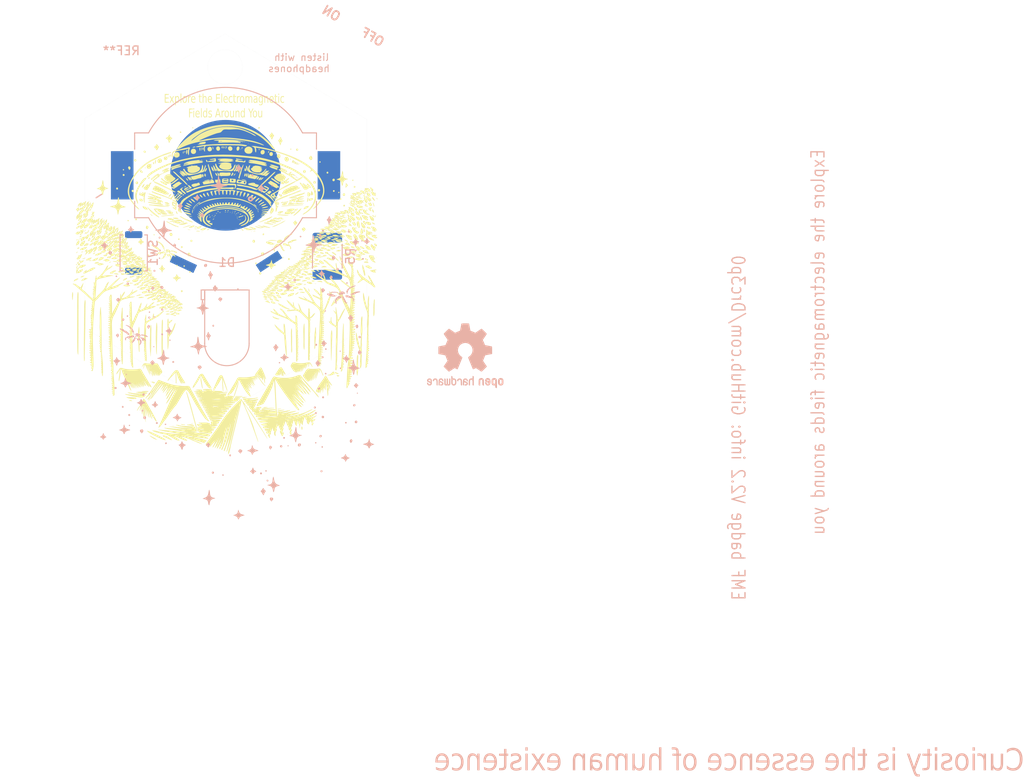
<source format=kicad_pcb>
(kicad_pcb (version 20240108) (generator "pcbnew") (generator_version "8.0")
  (layers (0 "F.Cu" signal) (31 "B.Cu" signal) (34 "B.Paste" user) (35 "F.Paste" user) (36 "B.SilkS" user "B.Silkscreen") (37 "F.SilkS" user "F.Silkscreen") (38 "B.Mask" user) (39 "F.Mask" user) (44 "Edge.Cuts" user))
  (net 0 "")
  (net 1 "Net-(AAA_Battery2--)")
  (net 2 "Net-(D1-A)")
  (net 3 "Net-(AAA_Battery2-+)")
  (net 4 "Net-(R5-Pad2)")
  (footprint "Battery:BatteryHolder_MPD_BC2003_1x2032" (layer "B.Cu") (at 110.205 122.54 180)
    (property "Reference" "REF**" (at 12 14.35 0) (layer "B.SilkS") (effects (justify mirror)))
    (property "Value" "BatteryHolder_MPD_BC2003_1x2032")
    (pad "1" smd rect (at -11.905 0 180) (size 2.6 5.56) (layers "B.Cu" "B.Paste" "B.Mask"))
    (pad "1" smd rect (at 11.905 0 180) (size 2.6 5.56) (layers "B.Cu" "B.Paste" "B.Mask"))
    (pad "2" smd circle (at 0 0 180) (size 12.749806 12.749806) (layers "B.Cu" "B.Mask"))
  )
  (footprint "Symbol:OSHW-Logo2_9.8x8mm_SilkScreen" (layer "B.Cu") (at 137.81 143.315 180)
    (property "Reference" "REF**" (hide yes))
    (property "Value" "OSHW-Logo2_9.8x8mm_SilkScreen" (hide yes))
  )
  (footprint "Resistor_SMD:R_1812_4532Metric" (layer "B.Cu") (at 121.926075 131.861296 90)
    (property "Reference" "R5" (at -0.000001 2.650001 90) (layer "B.SilkS") (effects (justify mirror)))
    (property "Value" "100")
    (pad "1" smd roundrect (at -2.137499 0.000003 90) (size 1.125 3.4) (layers "B.Cu" "B.Paste" "B.Mask") (roundrect_rratio 0.222222) (net 2 "Net-(D1-A)"))
    (pad "2" smd roundrect (at 2.137499 -0.000003 90) (size 1.125 3.4) (layers "B.Cu" "B.Paste" "B.Mask") (roundrect_rratio 0.222222) (net 4 "Net-(R5-Pad2)"))
  )
  (footprint "LED_THT:LED_D5.0mm_Horizontal_O1.27mm_Z9.0mm" (layer "B.Cu") (at 111.63 134.535 180)
    (property "Reference" "D1" (at 1.27 1.96 0) (layer "B.SilkS") (effects (justify mirror)))
    (property "Value" "LED")
    (pad "1" smd rect (at -3.58 2.07 33) (size 3 1) (layers "B.Cu" "B.Paste" "B.Mask") (net 1 "Net-(AAA_Battery2--)"))
    (pad "2" smd rect (at 6.28 1.83 155) (size 3 1) (layers "B.Cu" "B.Paste" "B.Mask") (net 2 "Net-(D1-A)"))
  )
  (footprint "Button_Switch_SMD:SW_Push_SPST_NO_Alps_SKRK" (layer "B.Cu") (at 99.626073 131.473796 90)
    (property "Reference" "SW1" (at 0.000001 2.25 90) (layer "B.SilkS") (effects (justify mirror)))
    (property "Value" "Push_Button")
    (pad "1" smd roundrect (at -2.099999 0.000001 90) (size 0.8 2) (layers "B.Cu" "B.Paste" "B.Mask") (net 4 "Net-(R5-Pad2)"))
    (pad "2" smd roundrect (at 2.099999 -0.000001 90) (size 0.8 2) (layers "B.Cu" "B.Paste" "B.Mask") (net 3 "Net-(AAA_Battery2-+)"))
  )
  (gr_poly (pts (xy 122.622032 135.966961) (xy 122.555447 135.970387) (xy 122.488752 135.975942) (xy 122.421907 135.983608) (xy 122.354872 135.993366) (xy 122.287605 136.005197) (xy 122.220064 136.019083) (xy 122.152211 136.035005) (xy 122.152211 136.069215) (xy 122.830469 136.046039) (xy 123.223166 136.069215) (xy 123.223166 136.035005) (xy 123.155716 136.018432) (xy 123.088526 136.004156) (xy 123.021554 135.992158) (xy 122.954762 135.982419) (xy 122.888106 135.97492) (xy 122.821546 135.969643) (xy 122.755041 135.96657) (xy 122.68855 135.965682)) (fill solid) (layer "B.SilkS"))
  (gr_poly (pts (xy 116.414938 144.045056) (xy 116.4075 144.046478) (xy 116.400198 144.04859) (xy 116.393075 144.051347) (xy 116.386172 144.054702) (xy 116.379533 144.05861) (xy 116.373197 144.063028) (xy 116.367206 144.067909) (xy 116.361603 144.073207) (xy 116.35643 144.078879) (xy 116.351728 144.084879) (xy 116.347539 144.091162) (xy 116.343904 144.097682) (xy 116.340867 144.104395) (xy 116.338468 144.111255) (xy 116.336749 144.118217) (xy 116.335751 144.125236) (xy 116.335517 144.132266) (xy 116.33609 144.139264) (xy 116.337509 144.146183) (xy 116.339817 144.152978) (xy 116.343056 144.159604) (xy 116.347268 144.166016) (xy 116.352495 144.172169) (xy 116.358777 144.178018) (xy 116.366157 144.183518) (xy 116.374526 144.188569) (xy 116.382884 144.192579) (xy 116.391201 144.195594) (xy 116.399442 144.197661) (xy 116.407576 144.198825) (xy 116.415571 144.199133) (xy 116.423393 144.198632) (xy 116.431008 144.197367) (xy 116.438387 144.195385) (xy 116.445494 144.19273) (xy 116.452299 144.189452) (xy 116.458767 144.185596) (xy 116.464867 144.181206) (xy 116.470566 144.176331) (xy 116.47583 144.171016) (xy 116.480629 144.165307) (xy 116.484928 144.159251) (xy 116.488696 144.152894) (xy 116.491899 144.146282) (xy 116.494505 144.139462) (xy 116.496481 144.132479) (xy 116.497796 144.125381) (xy 116.498415 144.118212) (xy 116.498307 144.11102) (xy 116.497438 144.10385) (xy 116.495777 144.09675) (xy 116.49329 144.089765) (xy 116.489944 144.082941) (xy 116.485709 144.076325) (xy 116.480549 144.069963) (xy 116.474434 144.063901) (xy 116.467331 144.058186) (xy 116.460103 144.05352) (xy 116.452721 144.04986) (xy 116.445225 144.047159) (xy 116.437657 144.045373) (xy 116.430059 144.044458) (xy 116.422472 144.044367)) (fill solid) (layer "B.SilkS"))
  (gr_poly (pts (xy 98.514288 151.233283) (xy 98.508726 151.243315) (xy 98.498981 151.26399) (xy 98.490861 151.285392) (xy 98.484111 151.307418) (xy 98.478477 151.329967) (xy 98.473706 151.352936) (xy 98.46573 151.399723) (xy 98.458149 151.44696) (xy 98.453872 151.470491) (xy 98.44893 151.493827) (xy 98.443069 151.516865) (xy 98.436035 151.539505) (xy 98.427574 151.561642) (xy 98.417431 151.583174) (xy 98.408628 151.599013) (xy 98.399194 151.614137) (xy 98.389157 151.628572) (xy 98.378541 151.642343) (xy 98.367371 151.655471) (xy 98.355674 151.667984) (xy 98.330796 151.691258) (xy 98.304107 151.71236) (xy 98.275813 151.731488) (xy 98.246115 151.748837) (xy 98.215214 151.764602) (xy 98.183315 151.778981) (xy 98.150618 151.792168) (xy 98.117326 151.80436) (xy 98.083643 151.815754) (xy 97.949034 151.857259) (xy 97.949034 151.891506) (xy 98.064285 151.928561) (xy 98.12407 151.948761) (xy 98.153881 151.959643) (xy 98.1834 151.971187) (xy 98.21245 151.983495) (xy 98.240852 151.996672) (xy 98.26843 152.010823) (xy 98.295005 152.02605) (xy 98.3204 152.042458) (xy 98.344437 152.060152) (xy 98.366938 152.079235) (xy 98.377558 152.089331) (xy 98.387726 152.099812) (xy 98.391697 152.104535) (xy 98.395638 152.110059) (xy 98.403446 152.123268) (xy 98.411188 152.138956) (xy 98.418905 152.156639) (xy 98.434419 152.196058) (xy 98.4503 152.237657) (xy 98.458478 152.258067) (xy 98.466865 152.277571) (xy 98.475502 152.295688) (xy 98.484427 152.311933) (xy 98.48901 152.319203) (xy 98.49368 152.325823) (xy 98.498442 152.331734) (xy 98.503301 152.336876) (xy 98.508261 152.341187) (xy 98.513328 152.344607) (xy 98.518506 152.347076) (xy 98.5238 152.348534) (xy 98.528647 152.348753) (xy 98.533517 152.347788) (xy 98.538406 152.345711) (xy 98.543307 152.34259) (xy 98.548218 152.338495) (xy 98.553133 152.333497) (xy 98.562958 152.32107) (xy 98.572741 152.305869) (xy 98.582446 152.288454) (xy 98.592035 152.269386) (xy 98.601467 152.249223) (xy 98.636887 152.168833) (xy 98.644973 152.151601) (xy 98.652675 152.136635) (xy 98.659955 152.124495) (xy 98.666773 152.115741) (xy 98.693863 152.089729) (xy 98.722699 152.06634) (xy 98.753115 152.045355) (xy 98.784945 152.026554) (xy 98.818021 152.009719) (xy 98.852177 151.99463) (xy 98.887245 151.981067) (xy 98.923061 151.968812) (xy 98.959455 151.957645) (xy 98.996262 151.947345) (xy 99.070447 151.928475) (xy 99.144282 151.910447) (xy 99.216433 151.891506) (xy 99.216433 151.857259) (xy 99.183003 151.840609) (xy 99.148608 151.826096) (xy 99.113444 151.813296) (xy 99.077709 151.801791) (xy 98.933002 151.76028) (xy 98.89737 151.748923) (xy 98.862352 151.736332) (xy 98.828144 151.722086) (xy 98.794943 151.705764) (xy 98.778783 151.696692) (xy 98.762947 151.686943) (xy 98.747463 151.676465) (xy 98.732354 151.665203) (xy 98.717645 151.653107) (xy 98.703361 151.640123) (xy 98.689525 151.626198) (xy 98.676164 151.611281) (xy 98.661474 151.592336) (xy 98.647947 151.57174) (xy 98.635475 151.549694) (xy 98.623951 151.526402) (xy 98.613267 151.502066) (xy 98.603315 151.47689) (xy 98.593988 151.451074) (xy 98.585177 151.424824) (xy 98.552943 151.319522) (xy 98.537123 151.26953) (xy 98.52891 151.245907) (xy 98.52035 151.22347)) (fill solid) (layer "B.SilkS"))
  (gr_poly (pts (xy 125.234296 150.791776) (xy 125.216925 150.794262) (xy 125.198196 150.798753) (xy 125.180985 150.804635) (xy 125.165268 150.811802) (xy 125.151021 150.820143) (xy 125.138221 150.829554) (xy 125.126844 150.839925) (xy 125.116868 150.851149) (xy 125.108267 150.863118) (xy 125.101019 150.875725) (xy 125.095101 150.888861) (xy 125.090488 150.902419) (xy 125.087159 150.916292) (xy 125.085088 150.930371) (xy 125.084253 150.94455) (xy 125.084629 150.958719) (xy 125.086194 150.972773) (xy 125.088924 150.986601) (xy 125.092796 151.000098) (xy 125.097786 151.013156) (xy 125.103871 151.025666) (xy 125.111026 151.037521) (xy 125.11923 151.048613) (xy 125.128457 151.058836) (xy 125.138686 151.068079) (xy 125.149891 151.076237) (xy 125.162051 151.083202) (xy 125.17514 151.088865) (xy 125.189137 151.09312) (xy 125.204017 151.095857) (xy 125.219757 151.096971) (xy 125.236333 151.096352) (xy 125.253722 151.093894) (xy 125.271894 151.089547) (xy 125.288619 151.083789) (xy 125.303918 151.076728) (xy 125.31781 151.068472) (xy 125.330315 151.059132) (xy 125.341454 151.048813) (xy 125.351247 151.037628) (xy 125.359712 151.025684) (xy 125.366871 151.01309) (xy 125.372744 150.999954) (xy 125.37735 150.986386) (xy 125.380709 150.972494) (xy 125.382842 150.958387) (xy 125.383768 150.944174) (xy 125.383508 150.929964) (xy 125.382081 150.915865) (xy 125.379508 150.901987) (xy 125.375808 150.888439) (xy 125.371002 150.875328) (xy 125.365109 150.862764) (xy 125.358149 150.850855) (xy 125.350143 150.839712) (xy 125.341111 150.829441) (xy 125.331072 150.820153) (xy 125.320046 150.811956) (xy 125.308054 150.804958) (xy 125.295115 150.799269) (xy 125.28125 150.794998) (xy 125.266478 150.792252) (xy 125.25082 150.791142)) (fill solid) (layer "B.SilkS"))
  (gr_poly (pts (xy 104.612387 150.0306) (xy 104.60423 150.054632) (xy 104.595569 150.077408) (xy 104.586403 150.098982) (xy 104.57673 150.119407) (xy 104.566551 150.138738) (xy 104.555862 150.157027) (xy 104.544664 150.174329) (xy 104.532955 150.190698) (xy 104.520735 150.206188) (xy 104.508002 150.220852) (xy 104.494755 150.234744) (xy 104.466714 150.26043) (xy 104.436605 150.283675) (xy 104.404418 150.304911) (xy 104.370145 150.324569) (xy 104.333777 150.343079) (xy 104.295306 150.360873) (xy 104.212018 150.396033) (xy 104.12021 150.433498) (xy 104.12021 150.467761) (xy 104.169699 150.479711) (xy 104.217343 150.492251) (xy 104.263046 150.505678) (xy 104.306716 150.520288) (xy 104.348257 150.536379) (xy 104.387576 150.554247) (xy 104.406373 150.56394) (xy 104.424579 150.57419) (xy 104.442183 150.585032) (xy 104.459172 150.596503) (xy 104.475535 150.608641) (xy 104.491261 150.621484) (xy 104.506337 150.635067) (xy 104.520752 150.64943) (xy 104.534493 150.664607) (xy 104.54755 150.680637) (xy 104.55991 150.697557) (xy 104.571562 150.715403) (xy 104.582493 150.734213) (xy 104.592693 150.754024) (xy 104.602149 150.774872) (xy 104.61085 150.796797) (xy 104.618784 150.819832) (xy 104.625939 150.844018) (xy 104.632303 150.86939) (xy 104.637865 150.895985) (xy 104.655687 150.895985) (xy 104.821274 150.61986) (xy 105.155328 150.433498) (xy 105.103253 150.421818) (xy 105.055057 150.409288) (xy 105.010538 150.395657) (xy 104.96949 150.380679) (xy 104.931709 150.364103) (xy 104.913981 150.355138) (xy 104.896993 150.345681) (xy 104.880721 150.3357) (xy 104.865137 150.325165) (xy 104.850218 150.314044) (xy 104.835938 150.302306) (xy 104.82227 150.28992) (xy 104.80919 150.276856) (xy 104.796673 150.263081) (xy 104.784692 150.248565) (xy 104.773223 150.233277) (xy 104.762239 150.217186) (xy 104.751715 150.20026) (xy 104.741626 150.182469) (xy 104.731947 150.163782) (xy 104.722651 150.144167) (xy 104.705109 150.102029) (xy 104.688797 150.055809) (xy 104.673511 150.005257) (xy 104.62004 150.005257)) (fill solid) (layer "B.SilkS"))
  (gr_poly (pts (xy 101.998122 133.430299) (xy 101.987818 133.432276) (xy 101.977876 133.435256) (xy 101.968339 133.439175) (xy 101.959249 133.443967) (xy 101.950647 133.449567) (xy 101.942574 133.455909) (xy 101.935074 133.462928) (xy 101.928188 133.470558) (xy 101.921958 133.478736) (xy 101.916424 133.487393) (xy 101.911631 133.496466) (xy 101.907619 133.50589) (xy 101.90443 133.515598) (xy 101.902106 133.525525) (xy 101.90069 133.535606) (xy 101.900221 133.545776) (xy 101.900744 133.55597) (xy 101.902299 133.566121) (xy 101.904929 133.576164) (xy 101.908675 133.586035) (xy 101.913579 133.595668) (xy 101.919683 133.604996) (xy 101.927028 133.613956) (xy 101.935658 133.622481) (xy 101.945613 133.630507) (xy 101.956936 133.637967) (xy 101.969787 133.644844) (xy 101.982404 133.650112) (xy 101.99475 133.653845) (xy 102.006787 133.656124) (xy 102.018479 133.657023) (xy 102.029786 133.656623) (xy 102.040671 133.654998) (xy 102.051097 133.652229) (xy 102.061024 133.64839) (xy 102.070417 133.64356) (xy 102.079237 133.637816) (xy 102.087446 133.631237) (xy 102.095006 133.623898) (xy 102.101881 133.615877) (xy 102.108031 133.607252) (xy 102.113419 133.5981) (xy 102.118008 133.588499) (xy 102.12176 133.578526) (xy 102.124636 133.568258) (xy 102.1266 133.557773) (xy 102.127613 133.547148) (xy 102.127638 133.536461) (xy 102.126636 133.525789) (xy 102.124571 133.515208) (xy 102.121404 133.504798) (xy 102.117098 133.494635) (xy 102.111615 133.484796) (xy 102.104917 133.475359) (xy 102.096965 133.466402) (xy 102.087724 133.458002) (xy 102.077155 133.450235) (xy 102.06522 133.44318) (xy 102.053619 133.437761) (xy 102.042129 133.433738) (xy 102.030792 133.431046) (xy 102.019651 133.429619) (xy 102.008747 133.429392)) (fill solid) (layer "B.SilkS"))
  (gr_poly (pts (xy 124.670453 152.934632) (xy 124.655693 152.941949) (xy 124.641534 152.949605) (xy 124.627993 152.957591) (xy 124.615085 152.965901) (xy 124.602828 152.974527) (xy 124.591236 152.983461) (xy 124.580327 152.992694) (xy 124.570118 153.002223) (xy 124.560623 153.012036) (xy 124.55186 153.022129) (xy 124.543845 153.032493) (xy 124.536594 153.043121) (xy 124.530123 153.054004) (xy 124.52445 153.065138) (xy 124.519589 153.076512) (xy 124.515556 153.08812) (xy 124.51237 153.099955) (xy 124.510046 153.112009) (xy 124.5086 153.124275) (xy 124.508048 153.136745) (xy 124.508407 153.149412) (xy 124.509693 153.162269) (xy 124.511922 153.175308) (xy 124.515111 153.188521) (xy 124.519275 153.201902) (xy 124.524432 153.215442) (xy 124.530598 153.229135) (xy 124.537788 153.242973) (xy 124.546019 153.256948) (xy 124.555308 153.271053) (xy 124.559105 153.276823) (xy 124.562947 153.283141) (xy 124.570857 153.296995) (xy 124.579229 153.311749) (xy 124.583647 153.319194) (xy 124.588253 153.326539) (xy 124.59307 153.333676) (xy 124.598122 153.340499) (xy 124.603433 153.346898) (xy 124.606193 153.349905) (xy 124.609027 153.352765) (xy 124.611937 153.355466) (xy 124.614927 153.357993) (xy 124.618 153.360333) (xy 124.621159 153.362473) (xy 124.624406 153.364398) (xy 124.627745 153.366096) (xy 124.631178 153.367553) (xy 124.634709 153.368755) (xy 124.63946 153.369892) (xy 124.644068 153.370433) (xy 124.648538 153.37041) (xy 124.652872 153.369853) (xy 124.657075 153.368794) (xy 124.66115 153.367263) (xy 124.665099 153.365292) (xy 124.668927 153.362911) (xy 124.672637 153.360152) (xy 124.676232 153.357045) (xy 124.679716 153.353624) (xy 124.683092 153.349917) (xy 124.689536 153.341772) (xy 124.695588 153.33286) (xy 124.733238 153.263787) (xy 124.755424 153.232187) (xy 124.774116 153.204459) (xy 124.789375 153.180064) (xy 124.795735 153.168947) (xy 124.801258 153.158462) (xy 124.805952 153.148541) (xy 124.809823 153.139116) (xy 124.81288 153.13012) (xy 124.815129 153.121486) (xy 124.816578 153.113147) (xy 124.817234 153.105033) (xy 124.817103 153.09708) (xy 124.816195 153.08922) (xy 124.814515 153.081384) (xy 124.812071 153.073506) (xy 124.808871 153.065518) (xy 124.804921 153.057353) (xy 124.800228 153.048943) (xy 124.794801 153.040221) (xy 124.781772 153.021574) (xy 124.76589 153.000871) (xy 124.747213 152.977573) (xy 124.701711 152.921039)) (fill solid) (layer "B.SilkS"))
  (gr_poly (pts (xy 108.723164 156.663237) (xy 108.711357 156.665336) (xy 108.700142 156.668611) (xy 108.689548 156.67298) (xy 108.6796 156.678364) (xy 108.670326 156.684681) (xy 108.661753 156.69185) (xy 108.653907 156.69979) (xy 108.646815 156.70842) (xy 108.640504 156.717659) (xy 108.635001 156.727426) (xy 108.630333 156.737639) (xy 108.626527 156.748219) (xy 108.623609 156.759084) (xy 108.621607 156.770152) (xy 108.620547 156.781343) (xy 108.620456 156.792576) (xy 108.621362 156.80377) (xy 108.62329 156.814843) (xy 108.626268 156.825716) (xy 108.630323 156.836306) (xy 108.635481 156.846533) (xy 108.64177 156.856315) (xy 108.649216 156.865573) (xy 108.657845 156.874223) (xy 108.667686 156.882187) (xy 108.678765 156.889382) (xy 108.691109 156.895728) (xy 108.705685 156.901564) (xy 108.719937 156.905734) (xy 108.733824 156.908321) (xy 108.747303 156.909411) (xy 108.760333 156.909085) (xy 108.772873 156.907431) (xy 108.78488 156.90453) (xy 108.796313 156.900468) (xy 108.807131 156.895328) (xy 108.817291 156.889196) (xy 108.826751 156.882153) (xy 108.835472 156.874285) (xy 108.84341 156.865677) (xy 108.850524 156.856411) (xy 108.856772 156.846574) (xy 108.862112 156.836247) (xy 108.866504 156.825516) (xy 108.869906 156.814464) (xy 108.872274 156.803176) (xy 108.873568 156.791736) (xy 108.873747 156.780229) (xy 108.872768 156.768737) (xy 108.870591 156.757346) (xy 108.867172 156.746139) (xy 108.862471 156.7352) (xy 108.856446 156.724615) (xy 108.849055 156.714466) (xy 108.840257 156.704839) (xy 108.830009 156.695816) (xy 108.818271 156.687483) (xy 108.805 156.679923) (xy 108.790155 156.67322) (xy 108.775786 156.668223) (xy 108.761875 156.664807) (xy 108.74845 156.662892) (xy 108.735537 156.662395)) (fill solid) (layer "B.SilkS"))
  (gr_poly (pts (xy 99.153647 128.642984) (xy 98.933113 128.833543) (xy 98.96232 128.843862) (xy 98.990449 128.855107) (xy 99.017502 128.867307) (xy 99.043481 128.880487) (xy 99.068388 128.894673) (xy 99.092225 128.909892) (xy 99.114994 128.926171) (xy 99.136699 128.943536) (xy 99.157339 128.962012) (xy 99.176918 128.981629) (xy 99.195438 129.002409) (xy 99.212901 129.024381) (xy 99.229309 129.047571) (xy 99.244663 129.072005) (xy 99.258968 129.097709) (xy 99.272223 129.124711) (xy 99.32577 129.124711) (xy 99.331868 129.108213) (xy 99.338437 129.092429) (xy 99.345466 129.077332) (xy 99.352943 129.062896) (xy 99.360858 129.049092) (xy 99.369202 129.035894) (xy 99.37796 129.023274) (xy 99.387125 129.011206) (xy 99.396685 128.999663) (xy 99.406628 128.988616) (xy 99.416944 128.97804) (xy 99.427623 128.967906) (xy 99.438654 128.958189) (xy 99.450024 128.948859) (xy 99.473744 128.931258) (xy 99.498696 128.914886) (xy 99.524794 128.899524) (xy 99.551951 128.884957) (xy 99.58008 128.870968) (xy 99.638908 128.843851) (xy 99.700586 128.816438) (xy 99.414719 128.638754) (xy 99.290067 128.336916)) (fill solid) (layer "B.SilkS"))
  (gr_poly (pts (xy 97.624972 143.50333) (xy 97.613294 143.542166) (xy 97.60096 143.579105) (xy 97.587709 143.614157) (xy 97.573275 143.647331) (xy 97.557398 143.678634) (xy 97.548835 143.693587) (xy 97.539813 143.708076) (xy 97.530298 143.722103) (xy 97.520258 143.735667) (xy 97.509661 143.748771) (xy 97.498472 143.761415) (xy 97.486659 143.7736) (xy 97.47419 143.785329) (xy 97.461032 143.7966) (xy 97.447151 143.807417) (xy 97.432514 143.817779) (xy 97.41709 143.827689) (xy 97.400845 143.837147) (xy 97.383745 143.846154) (xy 97.36576 143.854711) (xy 97.346855 143.86282) (xy 97.326998 143.870482) (xy 97.306156 143.877697) (xy 97.284295 143.884467) (xy 97.261384 143.890793) (xy 97.488492 144.115196) (xy 97.654081 144.473317) (xy 97.663587 144.469209) (xy 97.672365 144.464426) (xy 97.680455 144.459003) (xy 97.687891 144.452975) (xy 97.694712 144.446379) (xy 97.700956 144.439249) (xy 97.70666 144.43162) (xy 97.711861 144.423528) (xy 97.716597 144.415008) (xy 97.720905 144.406096) (xy 97.728388 144.387235) (xy 97.73461 144.367227) (xy 97.739869 144.346356) (xy 97.757276 144.259871) (xy 97.762218 144.238914) (xy 97.767994 144.218786) (xy 97.774906 144.19977) (xy 97.778881 144.190767) (xy 97.783252 144.182148) (xy 97.796426 144.159875) (xy 97.810943 144.138682) (xy 97.826707 144.118514) (xy 97.843617 144.099319) (xy 97.861576 144.081041) (xy 97.880486 144.063629) (xy 97.900248 144.047027) (xy 97.920764 144.031182) (xy 97.941935 144.016039) (xy 97.963665 144.001545) (xy 97.985853 143.987646) (xy 98.008403 143.974288) (xy 98.054193 143.94898) (xy 98.100247 143.92519) (xy 98.100247 143.890793) (xy 98.055151 143.874152) (xy 98.013571 143.857071) (xy 97.975278 143.839354) (xy 97.94004 143.820807) (xy 97.90763 143.801236) (xy 97.877816 143.780445) (xy 97.850368 143.758239) (xy 97.825058 143.734424) (xy 97.801655 143.708804) (xy 97.779927 143.681186) (xy 97.759647 143.651375) (xy 97.740585 143.619174) (xy 97.722509 143.58439) (xy 97.70519 143.546828) (xy 97.688399 143.506293) (xy 97.671905 143.46259) (xy 97.636257 143.46259)) (fill solid) (layer "B.SilkS"))
  (gr_poly (pts (xy 123.983363 154.679618) (xy 123.975215 154.70365) (xy 123.966563 154.726425) (xy 123.957404 154.747997) (xy 123.94774 154.768422) (xy 123.937567 154.787751) (xy 123.926886 154.806039) (xy 123.915695 154.823342) (xy 123.903993 154.83971) (xy 123.891779 154.8552) (xy 123.879051 154.869864) (xy 123.865809 154.883756) (xy 123.837777 154.909442) (xy 123.807675 154.932686) (xy 123.775494 154.953923) (xy 123.741224 154.97358) (xy 123.704857 154.99209) (xy 123.666384 155.009882) (xy 123.583084 155.04504) (xy 123.491255 155.082499) (xy 123.491255 155.116765) (xy 123.540744 155.128715) (xy 123.588389 155.141255) (xy 123.634094 155.154682) (xy 123.677767 155.169293) (xy 123.71931 155.185385) (xy 123.758632 155.203254) (xy 123.77743 155.212949) (xy 123.795637 155.223198) (xy 123.813241 155.234041) (xy 123.83023 155.245513) (xy 123.846594 155.257653) (xy 123.862318 155.270496) (xy 123.877393 155.284081) (xy 123.891806 155.298443) (xy 123.905546 155.313622) (xy 123.918601 155.329652) (xy 123.930958 155.346572) (xy 123.942605 155.364419) (xy 123.953533 155.383229) (xy 123.963727 155.40304) (xy 123.973178 155.42389) (xy 123.981872 155.445814) (xy 123.989798 155.46885) (xy 123.996944 155.493036) (xy 124.0033 155.518408) (xy 124.008851 155.545003) (xy 124.026693 155.545003) (xy 124.19232 155.268861) (xy 124.526446 155.082499) (xy 124.474371 155.07082) (xy 124.426173 155.058291) (xy 124.381647 155.044661) (xy 124.340592 155.029684) (xy 124.302804 155.013109) (xy 124.285072 155.004146) (xy 124.268079 154.994689) (xy 124.251802 154.98471) (xy 124.236214 154.974175) (xy 124.221291 154.963055) (xy 124.207005 154.951318) (xy 124.193333 154.938933) (xy 124.180249 154.925869) (xy 124.167728 154.912096) (xy 124.155744 154.897581) (xy 124.144271 154.882293) (xy 124.133283 154.866203) (xy 124.122757 154.849278) (xy 124.112666 154.831488) (xy 124.102985 154.8128) (xy 124.093688 154.793186) (xy 124.076146 154.75105) (xy 124.059837 154.704829) (xy 124.044555 154.654276) (xy 123.991008 154.654276)) (fill solid) (layer "B.SilkS"))
  (gr_poly (pts (xy 121.717598 145.29089) (xy 121.709041 145.292001) (xy 121.700911 145.293997) (xy 121.693232 145.296818) (xy 121.686024 145.300406) (xy 121.67931 145.304703) (xy 121.67311 145.30965) (xy 121.667446 145.315187) (xy 121.66234 145.321258) (xy 121.657813 145.327804) (xy 121.653886 145.334765) (xy 121.650582 145.342084) (xy 121.647921 145.349702) (xy 121.645925 145.357559) (xy 121.644616 145.365599) (xy 121.644015 145.373762) (xy 121.644144 145.38199) (xy 121.645022 145.390224) (xy 121.646675 145.398406) (xy 121.64912 145.406477) (xy 121.652382 145.414379) (xy 121.65648 145.422053) (xy 121.661437 145.429441) (xy 121.667274 145.436484) (xy 121.674012 145.443124) (xy 121.681674 145.449301) (xy 121.690279 145.454959) (xy 121.699851 145.460038) (xy 121.710235 145.464407) (xy 121.720304 145.467569) (xy 121.730035 145.469584) (xy 121.739407 145.470512) (xy 121.748397 145.470413) (xy 121.756983 145.469348) (xy 121.765144 145.467378) (xy 121.772856 145.464562) (xy 121.780099 145.460962) (xy 121.786849 145.456637) (xy 121.793084 145.451649) (xy 121.798784 145.446058) (xy 121.803925 145.439923) (xy 121.808485 145.433307) (xy 121.812442 145.426269) (xy 121.815775 145.418868) (xy 121.818461 145.411167) (xy 121.820477 145.403226) (xy 121.821802 145.395104) (xy 121.822414 145.386863) (xy 121.82229 145.378562) (xy 121.821409 145.370263) (xy 121.819748 145.362025) (xy 121.817286 145.35391) (xy 121.813999 145.345977) (xy 121.809867 145.338287) (xy 121.804866 145.330901) (xy 121.798975 145.323879) (xy 121.792172 145.317281) (xy 121.784434 145.311169) (xy 121.77574 145.305601) (xy 121.766067 145.300639) (xy 121.755688 145.296453) (xy 121.74563 145.293444) (xy 121.735915 145.291552) (xy 121.726564 145.290721)) (fill solid) (layer "B.SilkS"))
  (gr_poly (pts (xy 103.340463 153.300972) (xy 103.330628 153.302398) (xy 103.321161 153.304818) (xy 103.31209 153.308167) (xy 103.303447 153.312376) (xy 103.295261 153.317378) (xy 103.287563 153.323106) (xy 103.280384 153.329492) (xy 103.273753 153.336468) (xy 103.267701 153.343967) (xy 103.262257 153.351921) (xy 103.257453 153.360263) (xy 103.253319 153.368926) (xy 103.249885 153.377842) (xy 103.24718 153.386943) (xy 103.245237 153.396162) (xy 103.244084 153.405431) (xy 103.243753 153.414684) (xy 103.244273 153.423852) (xy 103.245674 153.432867) (xy 103.247987 153.441664) (xy 103.251244 153.450173) (xy 103.255472 153.458328) (xy 103.260703 153.466061) (xy 103.266967 153.473303) (xy 103.274295 153.479989) (xy 103.282717 153.486051) (xy 103.292263 153.49142) (xy 103.302963 153.496029) (xy 103.313681 153.499374) (xy 103.324196 153.501426) (xy 103.334475 153.502253) (xy 103.344486 153.501927) (xy 103.354194 153.500515) (xy 103.363568 153.498088) (xy 103.372576 153.494717) (xy 103.381184 153.490469) (xy 103.389359 153.485414) (xy 103.397069 153.479622) (xy 103.404283 153.473164) (xy 103.410965 153.466107) (xy 103.417084 153.458522) (xy 103.422607 153.450479) (xy 103.427502 153.442047) (xy 103.431736 153.433295) (xy 103.435276 153.424293) (xy 103.438089 153.415111) (xy 103.440142 153.405818) (xy 103.441404 153.396484) (xy 103.441841 153.387178) (xy 103.441421 153.377969) (xy 103.44011 153.368928) (xy 103.437877 153.360125) (xy 103.434687 153.351628) (xy 103.43051 153.343507) (xy 103.425312 153.335832) (xy 103.41906 153.328671) (xy 103.411722 153.322096) (xy 103.403264 153.316176) (xy 103.393655 153.310979) (xy 103.382862 153.306574) (xy 103.371863 153.303344) (xy 103.36111 153.301378) (xy 103.350634 153.300609)) (fill solid) (layer "B.SilkS"))
  (gr_poly (pts (xy 97.625152 134.079876) (xy 97.615174 134.081496) (xy 97.603986 134.084462) (xy 97.593838 134.088279) (xy 97.584708 134.092878) (xy 97.576572 134.09819) (xy 97.569412 134.104148) (xy 97.563202 134.110682) (xy 97.557923 134.117725) (xy 97.553553 134.125207) (xy 97.550069 134.13306) (xy 97.54745 134.141215) (xy 97.545674 134.149605) (xy 97.544719 134.158159) (xy 97.544563 134.166812) (xy 97.545184 134.175492) (xy 97.546561 134.184132) (xy 97.548672 134.192663) (xy 97.551495 134.201016) (xy 97.555008 134.209125) (xy 97.559189 134.216918) (xy 97.564017 134.224329) (xy 97.569469 134.231288) (xy 97.575525 134.237727) (xy 97.58216 134.243578) (xy 97.589356 134.248772) (xy 97.597089 134.25324) (xy 97.605336 134.256914) (xy 97.614078 134.259725) (xy 97.623292 134.261605) (xy 97.632956 134.262485) (xy 97.643048 134.262298) (xy 97.653546 134.260973) (xy 97.664429 134.258443) (xy 97.674206 134.255118) (xy 97.683068 134.251048) (xy 97.691032 134.246292) (xy 97.698118 134.240911) (xy 97.704344 134.234965) (xy 97.709728 134.228515) (xy 97.714289 134.221621) (xy 97.718047 134.214343) (xy 97.721018 134.206742) (xy 97.723221 134.198878) (xy 97.724677 134.190811) (xy 97.725402 134.182602) (xy 97.725416 134.174312) (xy 97.724736 134.166) (xy 97.723383 134.157726) (xy 97.721374 134.149552) (xy 97.718727 134.141537) (xy 97.715462 134.133742) (xy 97.711596 134.126228) (xy 97.707149 134.119053) (xy 97.702138 134.11228) (xy 97.696584 134.105968) (xy 97.690503 134.100178) (xy 97.683915 134.094969) (xy 97.676838 134.090404) (xy 97.669291 134.08654) (xy 97.661293 134.08344) (xy 97.652861 134.081163) (xy 97.644014 134.07977) (xy 97.634772 134.07932)) (fill solid) (layer "B.SilkS"))
  (gr_poly (pts (xy 97.784706 132.596033) (xy 97.778497 132.596842) (xy 97.77249 132.598269) (xy 97.76671 132.600274) (xy 97.761181 132.602818) (xy 97.75593 132.605862) (xy 97.750979 132.609366) (xy 97.746354 132.613293) (xy 97.742081 132.617601) (xy 97.738184 132.622254) (xy 97.734687 132.62721) (xy 97.731616 132.632432) (xy 97.728995 132.637879) (xy 97.72685 132.643513) (xy 97.725205 132.649296) (xy 97.724084 132.655187) (xy 97.723514 132.661147) (xy 97.723518 132.667137) (xy 97.724122 132.673119) (xy 97.725351 132.679052) (xy 97.727228 132.684899) (xy 97.72978 132.690619) (xy 97.73303 132.696174) (xy 97.737004 132.701525) (xy 97.741727 132.706631) (xy 97.747224 132.711455) (xy 97.753518 132.715957) (xy 97.760404 132.719958) (xy 97.767245 132.723057) (xy 97.774015 132.725294) (xy 97.780689 132.726714) (xy 97.787243 132.727358) (xy 97.793649 132.727268) (xy 97.799883 132.726487) (xy 97.805919 132.725058) (xy 97.81173 132.723023) (xy 97.817293 132.720423) (xy 97.822581 132.717303) (xy 97.827568 132.713702) (xy 97.832229 132.709665) (xy 97.836538 132.705235) (xy 97.84047 132.700451) (xy 97.844 132.695358) (xy 97.8471 132.689998) (xy 97.849748 132.684413) (xy 97.851915 132.678646) (xy 97.853578 132.672738) (xy 97.854709 132.666732) (xy 97.855285 132.660672) (xy 97.855277 132.654597) (xy 97.854663 132.648552) (xy 97.853416 132.64258) (xy 97.851511 132.63672) (xy 97.84892 132.631018) (xy 97.84562 132.625514) (xy 97.841585 132.620252) (xy 97.836789 132.615272) (xy 97.831206 132.610619) (xy 97.824811 132.606334) (xy 97.817912 132.602617) (xy 97.811065 132.599753) (xy 97.804297 132.597701) (xy 97.797631 132.596423) (xy 97.791092 132.595881)) (fill solid) (layer "B.SilkS"))
  (gr_poly (pts (xy 123.694482 136.399971) (xy 123.684681 136.405468) (xy 123.675564 136.41109) (xy 123.667117 136.41684) (xy 123.659325 136.422716) (xy 123.652176 136.428723) (xy 123.645654 136.43486) (xy 123.639746 136.441128) (xy 123.634438 136.44753) (xy 123.629715 136.454066) (xy 123.625563 136.460738) (xy 123.62197 136.467546) (xy 123.618919 136.474494) (xy 123.616399 136.48158) (xy 123.614394 136.488807) (xy 123.61289 136.496176) (xy 123.611874 136.503689) (xy 123.61133 136.511346) (xy 123.611247 136.519149) (xy 123.611608 136.527099) (xy 123.612401 136.535199) (xy 123.613611 136.543447) (xy 123.615224 136.551846) (xy 123.617226 136.560399) (xy 123.619603 136.569104) (xy 123.622341 136.577964) (xy 123.628844 136.596154) (xy 123.636623 136.614979) (xy 123.645565 136.634449) (xy 123.722306 136.794331) (xy 123.766585 136.881697) (xy 123.790231 136.925752) (xy 123.814893 136.96949) (xy 123.840579 137.012486) (xy 123.867297 137.054317) (xy 123.895056 137.094558) (xy 123.923865 137.132785) (xy 123.953732 137.168575) (xy 123.984665 137.201503) (xy 124.016672 137.231144) (xy 124.049762 137.257075) (xy 124.059193 137.263358) (xy 124.06847 137.268743) (xy 124.077588 137.273255) (xy 124.086538 137.276923) (xy 124.095313 137.279774) (xy 124.103908 137.281835) (xy 124.112314 137.283134) (xy 124.120524 137.2837) (xy 124.128532 137.283558) (xy 124.136329 137.282736) (xy 124.14391 137.281262) (xy 124.151267 137.279165) (xy 124.158392 137.276469) (xy 124.16528 137.273205) (xy 124.171923 137.269398) (xy 124.178313 137.265076) (xy 124.184444 137.260268) (xy 124.190308 137.254999) (xy 124.195899 137.249298) (xy 124.201209 137.243194) (xy 124.206231 137.236711) (xy 124.210959 137.229879) (xy 124.215384 137.222724) (xy 124.219501 137.215275) (xy 124.223301 137.207559) (xy 124.226778 137.199602) (xy 124.229925 137.191434) (xy 124.232734 137.18308) (xy 124.235199 137.17457) (xy 124.237313 137.165929) (xy 124.239068 137.157186) (xy 124.240457 137.148368) (xy 124.097676 137.216791) (xy 124.093827 137.190749) (xy 124.088791 137.164669) (xy 124.075418 137.112418) (xy 124.058069 137.060087) (xy 124.03726 137.007726) (xy 124.013507 136.955381) (xy 123.987322 136.903102) (xy 123.95922 136.850937) (xy 123.929717 136.798935) (xy 123.807979 136.593525) (xy 123.779186 136.543065) (xy 123.752079 136.493057) (xy 123.727172 136.443552) (xy 123.70498 136.394599)) (fill solid) (layer "B.SilkS"))
  (gr_poly (pts (xy 103.036371 142.642382) (xy 103.024353 142.694226) (xy 103.003275 142.802526) (xy 102.983014 142.914288) (xy 102.959827 143.026286) (xy 102.945963 143.081367) (xy 102.929962 143.135298) (xy 102.911354 143.187675) (xy 102.889671 143.238097) (xy 102.864445 143.286158) (xy 102.850358 143.309178) (xy 102.835209 143.331457) (xy 102.818939 143.352945) (xy 102.801491 143.373591) (xy 102.782806 143.393344) (xy 102.762825 143.412155) (xy 102.739959 143.431151) (xy 102.715765 143.448839) (xy 102.690386 143.46533) (xy 102.663967 143.480738) (xy 102.636652 143.495174) (xy 102.608584 143.508752) (xy 102.579908 143.521582) (xy 102.550769 143.533778) (xy 102.318229 143.621967) (xy 102.318229 143.639099) (xy 102.354203 143.651502) (xy 102.39109 143.662441) (xy 102.466647 143.681488) (xy 102.542995 143.699357) (xy 102.580869 143.708822) (xy 102.618227 143.719162) (xy 102.65483 143.730763) (xy 102.690439 143.744018) (xy 102.724817 143.759314) (xy 102.757725 143.77704) (xy 102.773554 143.786937) (xy 102.788926 143.797587) (xy 102.803811 143.809039) (xy 102.81818 143.821343) (xy 102.832003 143.834547) (xy 102.845251 143.848699) (xy 102.857893 143.863848) (xy 102.869899 143.880043) (xy 102.879097 143.894252) (xy 102.887425 143.90924) (xy 102.89495 143.924945) (xy 102.901739 143.941304) (xy 102.913383 143.975735) (xy 102.922896 144.012033) (xy 102.930821 144.049698) (xy 102.937698 144.088228) (xy 102.950473 144.165887) (xy 102.957452 144.204015) (xy 102.965546 144.241007) (xy 102.975299 144.276364) (xy 102.987248 144.309587) (xy 102.994216 144.325241) (xy 103.001936 144.340173) (xy 103.010476 144.354322) (xy 103.019904 144.367624) (xy 103.030287 144.380016) (xy 103.041692 144.391437) (xy 103.054189 144.401825) (xy 103.067842 144.411115) (xy 103.0831 144.364288) (xy 103.095665 144.316996) (xy 103.10622 144.269453) (xy 103.115448 144.221873) (xy 103.132656 144.127454) (xy 103.142001 144.081042) (xy 103.15275 144.035447) (xy 103.165588 143.990881) (xy 103.181195 143.947557) (xy 103.200256 143.905691) (xy 103.211296 143.885371) (xy 103.223454 143.865495) (xy 103.236817 143.846089) (xy 103.25147 143.827182) (xy 103.2675 143.808798) (xy 103.284989 143.790966) (xy 103.304026 143.77371) (xy 103.324693 143.757059) (xy 103.347078 143.741039) (xy 103.371264 143.725677) (xy 103.391861 143.71414) (xy 103.413297 143.703575) (xy 103.435472 143.693888) (xy 103.458287 143.684984) (xy 103.481644 143.676768) (xy 103.505445 143.669147) (xy 103.553979 143.655309) (xy 103.652017 143.630609) (xy 103.69994 143.618235) (xy 103.746079 143.604837) (xy 103.746079 143.570392) (xy 103.696528 143.559148) (xy 103.645879 143.549245) (xy 103.594757 143.539536) (xy 103.543788 143.528876) (xy 103.518556 143.52283) (xy 103.493598 143.516116) (xy 103.46899 143.508592) (xy 103.444812 143.500113) (xy 103.421141 143.490536) (xy 103.398057 143.479718) (xy 103.375636 143.467516) (xy 103.353958 143.453787) (xy 103.326891 143.433799) (xy 103.302546 143.412668) (xy 103.280763 143.390464) (xy 103.261385 143.367257) (xy 103.244251 143.343117) (xy 103.229203 143.318112) (xy 103.216083 143.292313) (xy 103.204732 143.265788) (xy 103.19499 143.238608) (xy 103.186699 143.210842) (xy 103.173835 143.153832) (xy 103.164869 143.095313) (xy 103.158532 143.035842) (xy 103.14866 142.916272) (xy 103.142585 142.857286) (xy 103.134056 142.799575) (xy 103.121804 142.743696) (xy 103.113884 142.716616) (xy 103.104557 142.690204) (xy 103.093663 142.664528) (xy 103.081046 142.639658) (xy 103.066543 142.615664) (xy 103.049999 142.592614)) (fill solid) (layer "B.SilkS"))
  (gr_poly (pts (xy 100.75614 147.671469) (xy 100.741456 147.67385) (xy 100.726355 147.677824) (xy 100.71088 147.683475) (xy 100.69671 147.690184) (xy 100.683938 147.697853) (xy 100.672536 147.706391) (xy 100.662476 147.715705) (xy 100.653729 147.725704) (xy 100.64627 147.736296) (xy 100.64007 147.74739) (xy 100.635101 147.758893) (xy 100.631335 147.770715) (xy 100.628745 147.782764) (xy 100.627304 147.794947) (xy 100.626983 147.807174) (xy 100.627755 147.819353) (xy 100.629591 147.831392) (xy 100.632465 147.843199) (xy 100.636349 147.854683) (xy 100.641215 147.865752) (xy 100.647035 147.876315) (xy 100.653783 147.886279) (xy 100.661429 147.895554) (xy 100.669946 147.904047) (xy 100.679307 147.911667) (xy 100.689484 147.918322) (xy 100.700449 147.923921) (xy 100.712174 147.928372) (xy 100.724633 147.931583) (xy 100.737796 147.933462) (xy 100.751638 147.933919) (xy 100.766128 147.932861) (xy 100.781241 147.930198) (xy 100.796948 147.925835) (xy 100.813222 147.919683) (xy 100.828763 147.912222) (xy 100.842679 147.90393) (xy 100.85501 147.894891) (xy 100.865798 147.885189) (xy 100.875086 147.874908) (xy 100.882915 147.86413) (xy 100.889326 147.852939) (xy 100.894362 147.84142) (xy 100.898063 147.829654) (xy 100.900472 147.817726) (xy 100.901631 147.805721) (xy 100.90158 147.79372) (xy 100.900362 147.781808) (xy 100.898019 147.770069) (xy 100.894591 147.758585) (xy 100.890122 147.747441) (xy 100.884652 147.736719) (xy 100.878222 147.726504) (xy 100.870876 147.716879) (xy 100.862654 147.707928) (xy 100.853599 147.699734) (xy 100.843751 147.692381) (xy 100.833153 147.685952) (xy 100.821846 147.680531) (xy 100.809872 147.676201) (xy 100.797272 147.673046) (xy 100.78409 147.671151) (xy 100.770365 147.670597)) (fill solid) (layer "B.SilkS"))
  (gr_poly (pts (xy 113.219021 156.475181) (xy 112.998487 156.665829) (xy 113.027694 156.676145) (xy 113.055823 156.687391) (xy 113.082876 156.699592) (xy 113.108855 156.712774) (xy 113.133762 156.726964) (xy 113.157599 156.742188) (xy 113.180368 156.758472) (xy 113.202072 156.775842) (xy 113.222712 156.794324) (xy 113.242292 156.813944) (xy 113.260812 156.834729) (xy 113.278275 156.856705) (xy 113.294683 156.879897) (xy 113.310037 156.904333) (xy 113.324342 156.930038) (xy 113.337597 156.957038) (xy 113.391144 156.957038) (xy 113.397244 156.940526) (xy 113.403815 156.92473) (xy 113.410845 156.909622) (xy 113.418323 156.895176) (xy 113.42624 156.881363) (xy 113.434584 156.868158) (xy 113.443344 156.855532) (xy 113.452509 156.843458) (xy 113.46207 156.83191) (xy 113.472014 156.82086) (xy 113.482331 156.81028) (xy 113.49301 156.800144) (xy 113.50404 156.790424) (xy 113.515411 156.781094) (xy 113.539131 156.763492) (xy 113.564083 156.747122) (xy 113.59018 156.731763) (xy 113.617336 156.717201) (xy 113.645463 156.703216) (xy 113.704288 156.676111) (xy 113.76596 156.648705) (xy 113.480091 156.471079) (xy 113.355459 156.169076)) (fill solid) (layer "B.SilkS"))
  (gr_poly (pts (xy 103.286359 151.149687) (xy 103.277698 151.150709) (xy 103.269299 151.152498) (xy 103.261202 151.155003) (xy 103.25344 151.158171) (xy 103.246052 151.161949) (xy 103.239074 151.166288) (xy 103.232541 151.171133) (xy 103.226491 151.176435) (xy 103.22096 151.182139) (xy 103.215985 151.188195) (xy 103.211602 151.194551) (xy 103.207847 151.201156) (xy 103.204757 151.207956) (xy 103.20237 151.2149) (xy 103.20072 151.221936) (xy 103.199845 151.229013) (xy 103.199781 151.236078) (xy 103.200565 151.243079) (xy 103.202233 151.249965) (xy 103.204822 151.256683) (xy 103.208368 151.263183) (xy 103.212907 151.269411) (xy 103.218477 151.275316) (xy 103.225114 151.280845) (xy 103.232854 151.285949) (xy 103.241734 151.290573) (xy 103.25179 151.294667) (xy 103.260006 151.297149) (xy 103.268204 151.298756) (xy 103.276347 151.29953) (xy 103.284402 151.299518) (xy 103.292332 151.298761) (xy 103.300105 151.297304) (xy 103.307683 151.295192) (xy 103.315034 151.292467) (xy 103.322121 151.289176) (xy 103.32891 151.285359) (xy 103.335367 151.281064) (xy 103.341455 151.276332) (xy 103.347141 151.271209) (xy 103.35239 151.265737) (xy 103.357165 151.259961) (xy 103.361435 151.253926) (xy 103.365162 151.247674) (xy 103.368312 151.241251) (xy 103.370851 151.234699) (xy 103.372744 151.228064) (xy 103.373955 151.221389) (xy 103.374449 151.214717) (xy 103.374193 151.208093) (xy 103.373151 151.201562) (xy 103.371288 151.195165) (xy 103.36857 151.18895) (xy 103.364961 151.182958) (xy 103.360427 151.177233) (xy 103.354932 151.171821) (xy 103.348443 151.166764) (xy 103.340924 151.162108) (xy 103.33234 151.157895) (xy 103.322909 151.154304) (xy 103.313559 151.15174) (xy 103.304326 151.15015) (xy 103.295247 151.149483)) (fill solid) (layer "B.SilkS"))
  (gr_poly (pts (xy 123.187517 136.497419) (xy 123.156253 136.511141) (xy 123.125995 136.526721) (xy 123.096802 136.544061) (xy 123.068732 136.563063) (xy 123.041841 136.583628) (xy 123.016189 136.605658) (xy 122.991832 136.629055) (xy 122.968829 136.653722) (xy 122.947238 136.679558) (xy 122.927116 136.706468) (xy 122.908522 136.734351) (xy 122.891512 136.763111) (xy 122.876146 136.792649) (xy 122.86248 136.822867) (xy 122.850573 136.853666) (xy 122.840482 136.884949) (xy 122.832265 136.916617) (xy 122.825981 136.948572) (xy 122.821686 136.980716) (xy 122.819439 137.012951) (xy 122.819297 137.045179) (xy 122.821319 137.077301) (xy 122.825563 137.109219) (xy 122.832085 137.140835) (xy 122.840944 137.172051) (xy 122.852198 137.202769) (xy 122.865904 137.23289) (xy 122.882121 137.262317) (xy 122.900906 137.290951) (xy 122.922318 137.318694) (xy 122.946413 137.345448) (xy 122.97325 137.371114) (xy 122.978122 137.344544) (xy 122.981005 137.317511) (xy 122.982188 137.290086) (xy 122.981964 137.262339) (xy 122.980623 137.234342) (xy 122.978458 137.206167) (xy 122.972818 137.149563) (xy 122.967377 137.093098) (xy 122.965458 137.065095) (xy 122.964463 137.03734) (xy 122.964684 137.009903) (xy 122.96641 136.982857) (xy 122.969935 136.956272) (xy 122.975549 136.93022) (xy 122.978862 136.919706) (xy 122.982858 136.910479) (xy 122.987465 136.902439) (xy 122.992612 136.895487) (xy 122.998226 136.889523) (xy 123.004234 136.884447) (xy 123.010566 136.88016) (xy 123.017147 136.87656) (xy 123.023907 136.87355) (xy 123.030773 136.871029) (xy 123.044534 136.867053) (xy 123.070154 136.860578) (xy 123.075741 136.858685) (xy 123.080857 136.856483) (xy 123.08543 136.853871) (xy 123.089387 136.85075) (xy 123.092655 136.847021) (xy 123.095163 136.842582) (xy 123.096839 136.837335) (xy 123.097611 136.831181) (xy 123.097406 136.824018) (xy 123.096153 136.815747) (xy 123.093778 136.806269) (xy 123.090209 136.795483) (xy 123.085375 136.783291) (xy 123.079204 136.769591) (xy 123.071623 136.754284) (xy 123.06256 136.737272) (xy 123.183798 136.737079) (xy 123.221771 136.735928) (xy 123.261021 136.733711) (xy 123.300658 136.730117) (xy 123.339786 136.724832) (xy 123.377512 136.717546) (xy 123.412944 136.707944) (xy 123.42952 136.702177) (xy 123.445187 136.695715) (xy 123.459834 136.688518) (xy 123.47335 136.680547) (xy 123.485621 136.671763) (xy 123.496537 136.662127) (xy 123.505986 136.651601) (xy 123.513857 136.640144) (xy 123.520037 136.627718) (xy 123.524415 136.614285) (xy 123.526879 136.599804) (xy 123.527319 136.584236) (xy 123.526199 136.574371) (xy 123.523715 136.564876) (xy 123.519943 136.555743) (xy 123.514958 136.546963) (xy 123.508835 136.53853) (xy 123.501648 136.530433) (xy 123.493473 136.522666) (xy 123.484385 136.515221) (xy 123.47446 136.508088) (xy 123.46377 136.501261) (xy 123.452394 136.494729) (xy 123.440404 136.488487) (xy 123.414886 136.476836) (xy 123.387819 136.466242) (xy 123.359801 136.456638) (xy 123.331433 136.447962) (xy 123.303317 136.440147) (xy 123.276052 136.433127) (xy 123.187517 136.411704)) (fill solid) (layer "B.SilkS"))
  (gr_poly (pts (xy 120.5567 144.161711) (xy 120.824421 144.590095) (xy 120.984852 144.334057) (xy 121.199216 144.161711) (xy 121.181053 144.15708) (xy 121.163596 144.151824) (xy 121.14682 144.145963) (xy 121.130699 144.139515) (xy 121.115209 144.132502) (xy 121.100322 144.124942) (xy 121.086015 144.116857) (xy 121.072261 144.108265) (xy 121.059036 144.099188) (xy 121.046315 144.089645) (xy 121.022277 144.069239) (xy 120.999946 144.047209) (xy 120.97912 144.023712) (xy 120.959594 143.998909) (xy 120.941165 143.97296) (xy 120.923631 143.946023) (xy 120.906788 143.918259) (xy 120.874362 143.860885) (xy 120.842263 143.802115)) (fill solid) (layer "B.SilkS"))
  (gr_poly (pts (xy 120.963417 146.970118) (xy 120.950564 146.971928) (xy 120.938071 146.974974) (xy 120.925985 146.979173) (xy 120.914354 146.984445) (xy 120.903226 146.990707) (xy 120.892649 146.997877) (xy 120.882669 147.005874) (xy 120.873336 147.014615) (xy 120.864697 147.024019) (xy 120.856798 147.034005) (xy 120.849689 147.044489) (xy 120.843416 147.055392) (xy 120.838027 147.066629) (xy 120.833569 147.078121) (xy 120.830092 147.089784) (xy 120.827641 147.101538) (xy 120.826265 147.113299) (xy 120.826012 147.124988) (xy 120.826929 147.136521) (xy 120.829064 147.147817) (xy 120.832464 147.158794) (xy 120.837177 147.169371) (xy 120.84325 147.179464) (xy 120.850733 147.188993) (xy 120.859672 147.197876) (xy 120.870113 147.206031) (xy 120.882107 147.213376) (xy 120.8957 147.21983) (xy 120.911275 147.225413) (xy 120.926658 147.229231) (xy 120.941792 147.231376) (xy 120.956618 147.231939) (xy 120.971082 147.231012) (xy 120.985127 147.228686) (xy 120.998695 147.225052) (xy 121.011731 147.220203) (xy 121.024176 147.214229) (xy 121.035976 147.207222) (xy 121.047074 147.199274) (xy 121.057411 147.190476) (xy 121.066934 147.180919) (xy 121.075583 147.170696) (xy 121.083302 147.159896) (xy 121.090036 147.148612) (xy 121.095728 147.136936) (xy 121.10032 147.124958) (xy 121.103756 147.112771) (xy 121.10598 147.100466) (xy 121.106935 147.088133) (xy 121.106564 147.075865) (xy 121.104811 147.063754) (xy 121.101619 147.05189) (xy 121.09693 147.040366) (xy 121.09069 147.029271) (xy 121.08284 147.018699) (xy 121.073325 147.008741) (xy 121.062088 146.999487) (xy 121.049072 146.99103) (xy 121.034221 146.98346) (xy 121.017477 146.976871) (xy 121.003661 146.97292) (xy 120.990014 146.970532) (xy 120.976583 146.969625)) (fill solid) (layer "B.SilkS"))
  (gr_poly (pts (xy 101.337507 135.737259) (xy 101.326754 135.73922) (xy 101.315757 135.742445) (xy 101.304963 135.746848) (xy 101.295353 135.752046) (xy 101.286896 135.757967) (xy 101.279558 135.764543) (xy 101.273305 135.771704) (xy 101.268107 135.77938) (xy 101.26393 135.787502) (xy 101.260741 135.795999) (xy 101.258507 135.804804) (xy 101.257196 135.813846) (xy 101.256776 135.823055) (xy 101.257213 135.832362) (xy 101.258475 135.841698) (xy 101.260529 135.850991) (xy 101.263342 135.860175) (xy 101.266881 135.869177) (xy 101.271115 135.87793) (xy 101.27601 135.886363) (xy 101.281533 135.894407) (xy 101.287653 135.901992) (xy 101.294335 135.909048) (xy 101.301547 135.915507) (xy 101.309258 135.921298) (xy 101.317434 135.926352) (xy 101.326041 135.9306) (xy 101.335049 135.933971) (xy 101.344423 135.936396) (xy 101.354133 135.937806) (xy 101.364143 135.938131) (xy 101.374421 135.937301) (xy 101.384937 135.935247) (xy 101.395655 135.9319) (xy 101.406355 135.92729) (xy 101.415901 135.921921) (xy 101.424322 135.91586) (xy 101.43165 135.909176) (xy 101.437914 135.901935) (xy 101.443145 135.894204) (xy 101.447374 135.88605) (xy 101.45063 135.877543) (xy 101.452943 135.868749) (xy 101.454345 135.859735) (xy 101.454864 135.85057) (xy 101.454533 135.841319) (xy 101.45338 135.832052) (xy 101.451436 135.822835) (xy 101.448733 135.813736) (xy 101.445299 135.804822) (xy 101.441164 135.796161) (xy 101.43636 135.78782) (xy 101.430917 135.779866) (xy 101.424864 135.772368) (xy 101.418234 135.765392) (xy 101.411054 135.759007) (xy 101.403356 135.753279) (xy 101.395171 135.748276) (xy 101.386528 135.744065) (xy 101.377457 135.740714) (xy 101.367989 135.738291) (xy 101.358155 135.736862) (xy 101.347984 135.736496)) (fill solid) (layer "B.SilkS"))
  (gr_poly (pts (xy 99.75561 141.054948) (xy 99.758157 141.06254) (xy 99.760964 141.069757) (xy 99.764024 141.076612) (xy 99.767334 141.083115) (xy 99.770887 141.089278) (xy 99.774678 141.095112) (xy 99.778703 141.100628) (xy 99.782956 141.105837) (xy 99.787432 141.110751) (xy 99.792126 141.115381) (xy 99.797032 141.119737) (xy 99.802146 141.123833) (xy 99.807463 141.127678) (xy 99.812975 141.131283) (xy 99.81868 141.134662) (xy 99.824571 141.137823) (xy 99.830645 141.140779) (xy 99.836893 141.143541) (xy 99.843313 141.14612) (xy 99.856646 141.150773) (xy 99.870602 141.154831) (xy 99.885138 141.158382) (xy 99.900212 141.161517) (xy 99.915784 141.164324) (xy 99.931813 141.166896) (xy 99.930291 141.157614) (xy 99.928473 141.14883) (xy 99.926361 141.140529) (xy 99.92396 141.132698) (xy 99.921274 141.125323) (xy 99.918304 141.118389) (xy 99.915056 141.111882) (xy 99.911532 141.105789) (xy 99.907737 141.100096) (xy 99.903672 141.094787) (xy 99.899343 141.08985) (xy 99.894752 141.08527) (xy 99.889902 141.081033) (xy 99.884799 141.077125) (xy 99.879443 141.073531) (xy 99.87384 141.070238) (xy 99.867993 141.067232) (xy 99.861905 141.064499) (xy 99.855579 141.062024) (xy 99.84902 141.059793) (xy 99.84223 141.057794) (xy 99.835213 141.05601) (xy 99.820513 141.053035) (xy 99.804946 141.050756) (xy 99.788541 141.049061) (xy 99.771325 141.047837) (xy 99.753327 141.046971)) (fill solid) (layer "B.SilkS"))
  (gr_poly (pts (xy 125.028538 148.890479) (xy 125.015685 148.892289) (xy 125.003192 148.895334) (xy 124.991107 148.899534) (xy 124.979477 148.904806) (xy 124.96835 148.911068) (xy 124.957773 148.918237) (xy 124.947795 148.926234) (xy 124.938463 148.934975) (xy 124.929824 148.94438) (xy 124.921926 148.954365) (xy 124.914818 148.96485) (xy 124.908545 148.975752) (xy 124.903157 148.986989) (xy 124.898701 148.998481) (xy 124.895225 149.010145) (xy 124.892774 149.021898) (xy 124.8914 149.03366) (xy 124.891147 149.045349) (xy 124.892065 149.056881) (xy 124.8942 149.068178) (xy 124.897601 149.079154) (xy 124.902315 149.089731) (xy 124.908389 149.099825) (xy 124.915872 149.109353) (xy 124.924811 149.118236) (xy 124.935253 149.126391) (xy 124.947247 149.133736) (xy 124.96084 149.140189) (xy 124.976414 149.145772) (xy 124.991795 149.14959) (xy 125.006927 149.151735) (xy 125.021753 149.152299) (xy 125.036215 149.151372) (xy 125.05026 149.149046) (xy 125.063827 149.145412) (xy 125.076862 149.140563) (xy 125.089308 149.134589) (xy 125.101107 149.127582) (xy 125.112204 149.119635) (xy 125.122542 149.110836) (xy 125.132063 149.101279) (xy 125.140713 149.091056) (xy 125.148432 149.080256) (xy 125.155167 149.068973) (xy 125.160858 149.057296) (xy 125.16545 149.045318) (xy 125.168887 149.033131) (xy 125.17111 149.020826) (xy 125.172065 149.008494) (xy 125.171693 148.996226) (xy 125.169939 148.984115) (xy 125.166747 148.972251) (xy 125.162058 148.960726) (xy 125.155817 148.949632) (xy 125.147967 148.93906) (xy 125.138451 148.929102) (xy 125.127213 148.919848) (xy 125.114196 148.911391) (xy 125.099342 148.903822) (xy 125.082597 148.897232) (xy 125.068781 148.893281) (xy 125.055133 148.890893) (xy 125.041704 148.889986)) (fill solid) (layer "B.SilkS"))
  (gr_poly (pts (xy 108.725262 135.530461) (xy 108.992982 135.958661) (xy 109.153414 135.702625) (xy 109.367796 135.530461) (xy 109.349632 135.525814) (xy 109.332173 135.520544) (xy 109.315396 135.51467) (xy 109.299274 135.508212) (xy 109.283781 135.501189) (xy 109.268894 135.493623) (xy 109.254586 135.485532) (xy 109.240831 135.476935) (xy 109.227604 135.467855) (xy 109.214881 135.458308) (xy 109.190842 135.437899) (xy 109.168511 135.415867) (xy 109.147683 135.392371) (xy 109.128156 135.367568) (xy 109.109727 135.341618) (xy 109.092193 135.314678) (xy 109.075349 135.286906) (xy 109.042923 135.229506) (xy 109.010825 135.170682)) (fill solid) (layer "B.SilkS"))
  (gr_line (start 95.917337 124.736919) (end 95.304837 125.124419) (stroke (width 0.15)) (layer "B.SilkS"))
  (gr_poly (pts (xy 123.596737 135.924261) (xy 123.566538 135.927338) (xy 123.536667 135.932207) (xy 123.50732 135.938862) (xy 123.478689 135.947292) (xy 123.450969 135.957489) (xy 123.424353 135.969445) (xy 123.399035 135.983151) (xy 123.375209 135.998597) (xy 123.353069 136.015777) (xy 123.332808 136.03468) (xy 123.314621 136.055297) (xy 123.2987 136.077622) (xy 123.28524 136.101643) (xy 123.274435 136.127354) (xy 123.266477 136.154745) (xy 123.261827 136.181094) (xy 123.260264 136.205334) (xy 123.261613 136.227509) (xy 123.265697 136.247664) (xy 123.272341 136.265843) (xy 123.281368 136.282091) (xy 123.292604 136.296452) (xy 123.305871 136.30897) (xy 123.320995 136.31969) (xy 123.337798 136.328657) (xy 123.356105 136.335914) (xy 123.375741 136.341505) (xy 123.396529 136.345476) (xy 123.418294 136.34787) (xy 123.440858 136.348733) (xy 123.464048 136.348108) (xy 123.487686 136.34604) (xy 123.511596 136.342573) (xy 123.535604 136.337753) (xy 123.559532 136.331622) (xy 123.583206 136.324226) (xy 123.606448 136.315608) (xy 123.629084 136.305814) (xy 123.650937 136.294887) (xy 123.656343 136.291778) (xy 123.562197 136.291778) (xy 123.490904 136.291778) (xy 123.472886 136.291778) (xy 123.462425 136.287564) (xy 123.452938 136.283362) (xy 123.444387 136.279107) (xy 123.436736 136.274733) (xy 123.433236 136.272481) (xy 123.429947 136.270175) (xy 123.426865 136.267806) (xy 123.423984 136.265367) (xy 123.4213 136.262848) (xy 123.418808 136.260243) (xy 123.416505 136.257543) (xy 123.414384 136.254739) (xy 123.412443 136.251824) (xy 123.410675 136.248789) (xy 123.409076 136.245626) (xy 123.407642 136.242327) (xy 123.406368 136.238883) (xy 123.40525 136.235288) (xy 123.404281 136.231531) (xy 123.40346 136.227606) (xy 123.40278 136.223504) (xy 123.402237 136.219216) (xy 123.401542 136.210053) (xy 123.401339 136.20005) (xy 123.401591 136.189143) (xy 123.43724 136.189143) (xy 123.472886 136.291778) (xy 123.490904 136.291778) (xy 123.544375 136.223354) (xy 123.562197 136.291778) (xy 123.656343 136.291778) (xy 123.671831 136.282872) (xy 123.69159 136.269814) (xy 123.710039 136.255756) (xy 123.727001 136.240744) (xy 123.742301 136.224822) (xy 123.755762 136.208033) (xy 123.767209 136.190423) (xy 123.776466 136.172035) (xy 123.847759 136.20625) (xy 123.972719 136.154745) (xy 123.966572 136.126007) (xy 123.95746 136.09921) (xy 123.945576 136.074345) (xy 123.931116 136.051404) (xy 123.917977 136.035005) (xy 123.8836 136.035005) (xy 123.776466 136.154745) (xy 123.77531 136.146786) (xy 123.774428 136.139182) (xy 123.773821 136.131925) (xy 123.773492 136.125006) (xy 123.773443 136.118417) (xy 123.773675 136.11215) (xy 123.774189 136.106196) (xy 123.774987 136.100548) (xy 123.776071 136.095197) (xy 123.777443 136.090134) (xy 123.779104 136.085351) (xy 123.781055 136.080841) (xy 123.783298 136.076594) (xy 123.785836 136.072602) (xy 123.788669 136.068859) (xy 123.791799 136.065354) (xy 123.795227 136.062079) (xy 123.798956 136.059027) (xy 123.802987 136.056189) (xy 123.807322 136.053557) (xy 123.811961 136.051122) (xy 123.816907 136.048877) (xy 123.822162 136.046812) (xy 123.827727 136.04492) (xy 123.833603 136.043192) (xy 123.839793 136.041621) (xy 123.853119 136.038913) (xy 123.867717 136.03673) (xy 123.8836 136.035005) (xy 123.917977 136.035005) (xy 123.914271 136.030378) (xy 123.895236 136.011258) (xy 123.874205 135.994035) (xy 123.851372 135.978702) (xy 123.826929 135.965248) (xy 123.801073 135.953666) (xy 123.773995 135.943947) (xy 123.74589 135.936081) (xy 123.716952 135.930061) (xy 123.687373 135.925878) (xy 123.657348 135.923522) (xy 123.627072 135.922987)) (fill solid) (layer "B.SilkS"))
  (gr_poly (pts (xy 120.274731 129.444339) (xy 120.265135 129.471398) (xy 120.256881 129.49885) (xy 120.249851 129.526661) (xy 120.238978 129.583212) (xy 120.231553 129.640762) (xy 120.226611 129.699021) (xy 120.223188 129.757699) (xy 120.217047 129.875159) (xy 120.2124 129.933361) (xy 120.205417 129.990825) (xy 120.195136 130.047262) (xy 120.188456 130.075005) (xy 120.18059 130.102383) (xy 120.171419 130.12936) (xy 120.160819 130.155898) (xy 120.148671 130.181963) (xy 120.134857 130.207518) (xy 120.119253 130.232527) (xy 120.101739 130.256953) (xy 120.082197 130.280761) (xy 120.060504 130.303915) (xy 120.036929 130.325893) (xy 120.012021 130.34617) (xy 119.9859 130.364855) (xy 119.958682 130.382059) (xy 119.930487 130.397888) (xy 119.901433 130.412455) (xy 119.871638 130.425866) (xy 119.841221 130.438234) (xy 119.810301 130.449665) (xy 119.778995 130.460271) (xy 119.715703 130.479442) (xy 119.652292 130.49662) (xy 119.58971 130.512683) (xy 119.581526 130.51444) (xy 119.571695 130.516113) (xy 119.548286 130.519572) (xy 119.521887 130.523775) (xy 119.508317 130.526382) (xy 119.4949 130.529443) (xy 119.481936 130.53305) (xy 119.469727 130.537292) (xy 119.463999 130.53968) (xy 119.458572 130.542259) (xy 119.453484 130.545042) (xy 119.448771 130.54804) (xy 119.444473 130.551265) (xy 119.440627 130.554726) (xy 119.437268 130.558436) (xy 119.434436 130.562406) (xy 119.432168 130.566646) (xy 119.430502 130.571169) (xy 119.429475 130.575985) (xy 119.429124 130.581106) (xy 119.429472 130.586422) (xy 119.43049 130.591413) (xy 119.432142 130.59609) (xy 119.434391 130.600462) (xy 119.4372 130.604543) (xy 119.440531 130.608344) (xy 119.444349 130.611875) (xy 119.448615 130.615148) (xy 119.453294 130.618175) (xy 119.458348 130.620967) (xy 119.469434 130.62589) (xy 119.481578 130.630008) (xy 119.494483 130.633413) (xy 119.507855 130.636194) (xy 119.521398 130.638444) (xy 119.547817 130.64171) (xy 119.58971 130.645851) (xy 119.707299 130.661159) (xy 119.770722 130.670897) (xy 119.802788 130.676625) (xy 119.834784 130.683053) (xy 119.86648 130.690279) (xy 119.897648 130.698399) (xy 119.928057 130.70751) (xy 119.957478 130.717707) (xy 119.985682 130.729088) (xy 120.01244 130.741749) (xy 120.037521 130.755786) (xy 120.060696 130.771296) (xy 120.080628 130.787036) (xy 120.099113 130.803835) (xy 120.116227 130.821631) (xy 120.132046 130.840368) (xy 120.146645 130.859985) (xy 120.160102 130.880425) (xy 120.17249 130.901627) (xy 120.183887 130.923534) (xy 120.20401 130.969225) (xy 120.221076 131.017025) (xy 120.235693 131.066465) (xy 120.248468 131.117072) (xy 120.293285 131.321749) (xy 120.305953 131.371125) (xy 120.320421 131.418841) (xy 120.337296 131.464426) (xy 120.357183 131.507408) (xy 120.39287 131.507408) (xy 120.401803 131.464322) (xy 120.409967 131.419443) (xy 120.425333 131.3257) (xy 120.441653 131.228951) (xy 120.451009 131.180317) (xy 120.46161 131.131972) (xy 120.473792 131.084262) (xy 120.48789 131.037536) (xy 120.50424 130.992138) (xy 120.523178 130.948418) (xy 120.545038 130.90672) (xy 120.557169 130.886737) (xy 120.570158 130.867391) (xy 120.584044 130.848724) (xy 120.598871 130.830779) (xy 120.61468 130.8136) (xy 120.631515 130.797231) (xy 120.648784 130.782152) (xy 120.666701 130.767998) (xy 120.704345 130.742311) (xy 120.744178 130.719862) (xy 120.78593 130.700342) (xy 120.829333 130.683444) (xy 120.874118 130.668858) (xy 120.920016 130.656277) (xy 120.966758 130.645392) (xy 121.014076 130.635895) (xy 121.0617 130.627478) (xy 121.156792 130.612652) (xy 121.249886 130.598445) (xy 121.338828 130.582393) (xy 121.338828 130.54818) (xy 121.313865 130.537092) (xy 121.288332 130.52701) (xy 121.235766 130.509483) (xy 121.181546 130.494841) (xy 121.12609 130.482325) (xy 120.900253 130.43837) (xy 120.844877 130.425117) (xy 120.79077 130.409442) (xy 120.738349 130.390586) (xy 120.712901 130.379728) (xy 120.688031 130.367791) (xy 120.663791 130.35468) (xy 120.640233 130.3403) (xy 120.617411 130.324555) (xy 120.595374 130.307353) (xy 120.574177 130.288597) (xy 120.553871 130.268193) (xy 120.534508 130.246047) (xy 120.51614 130.222062) (xy 120.50663 130.207941) (xy 120.497749 130.19309) (xy 120.481756 130.161377) (xy 120.46792 130.127268) (xy 120.456 130.091109) (xy 120.445754 130.053247) (xy 120.436942 130.014027) (xy 120.429322 129.973794) (xy 120.422652 129.932894) (xy 120.40066 129.769539) (xy 120.389098 129.692848) (xy 120.382331 129.65696) (xy 120.374586 129.62317) (xy 120.371002 129.607935) (xy 120.367968 129.592937) (xy 120.362854 129.563725) (xy 120.357853 129.535673) (xy 120.354958 129.522126) (xy 120.35157 129.508921) (xy 120.347514 129.496076) (xy 120.345181 129.489794) (xy 120.342616 129.483609) (xy 120.339796 129.477522) (xy 120.336701 129.471537) (xy 120.333308 129.465654) (xy 120.329596 129.459876) (xy 120.325542 129.454207) (xy 120.321126 129.448647) (xy 120.316325 129.443198) (xy 120.311119 129.437864) (xy 120.305484 129.432646) (xy 120.299399 129.427547) (xy 120.292842 129.422568) (xy 120.285793 129.417712)) (fill solid) (layer "B.SilkS"))
  (gr_poly (pts (xy 102.904233 137.885748) (xy 102.89199 137.887098) (xy 102.879529 137.88987) (xy 102.866894 137.89414) (xy 102.854131 137.899982) (xy 102.841442 137.907378) (xy 102.830256 137.915508) (xy 102.820532 137.924296) (xy 102.812224 137.933661) (xy 102.805287 137.943529) (xy 102.799678 137.953818) (xy 102.79535 137.964451) (xy 102.792261 137.975351) (xy 102.790366 137.986437) (xy 102.789618 137.997633) (xy 102.789976 138.00886) (xy 102.791393 138.02004) (xy 102.793825 138.031094) (xy 102.797228 138.041945) (xy 102.801558 138.052512) (xy 102.806769 138.06272) (xy 102.812818 138.072489) (xy 102.819659 138.081742) (xy 102.827248 138.090398) (xy 102.83554 138.098382) (xy 102.844492 138.105614) (xy 102.854059 138.112016) (xy 102.864195 138.117509) (xy 102.874857 138.122016) (xy 102.885999 138.125458) (xy 102.897578 138.127757) (xy 102.909549 138.128835) (xy 102.921867 138.128613) (xy 102.934488 138.127013) (xy 102.947367 138.123957) (xy 102.96046 138.119367) (xy 102.973722 138.113164) (xy 102.986059 138.105894) (xy 102.996904 138.097895) (xy 103.006304 138.089245) (xy 103.014301 138.080021) (xy 103.020944 138.070298) (xy 103.026277 138.060154) (xy 103.030345 138.049665) (xy 103.033194 138.038908) (xy 103.03487 138.027961) (xy 103.035418 138.016899) (xy 103.034882 138.0058) (xy 103.033311 137.99474) (xy 103.030747 137.983796) (xy 103.027238 137.973044) (xy 103.022828 137.962563) (xy 103.017562 137.952427) (xy 103.011487 137.942715) (xy 103.004649 137.933502) (xy 102.997091 137.924865) (xy 102.98886 137.916882) (xy 102.980001 137.90963) (xy 102.97056 137.903184) (xy 102.960582 137.897621) (xy 102.950113 137.893019) (xy 102.939198 137.889454) (xy 102.927883 137.887002) (xy 102.916213 137.885741)) (fill solid) (layer "B.SilkS"))
  (gr_poly (pts (xy 107.215065 144.42316) (xy 107.206631 144.4244) (xy 107.199153 144.426352) (xy 107.191604 144.428875) (xy 107.18399 144.431938) (xy 107.176318 144.435508) (xy 107.168598 144.439554) (xy 107.160835 144.444042) (xy 107.145212 144.454219) (xy 107.12951 144.465783) (xy 107.11379 144.478477) (xy 107.098113 144.492046) (xy 107.082535 144.50623) (xy 107.022447 144.564001) (xy 107.008281 144.577418) (xy 106.994575 144.589911) (xy 106.981392 144.601223) (xy 106.968792 144.611098) (xy 107.183059 144.919371) (xy 107.218706 144.919371) (xy 107.468622 144.662597) (xy 107.462353 144.648581) (xy 107.453497 144.632173) (xy 107.44232 144.613861) (xy 107.429088 144.594133) (xy 107.414065 144.573475) (xy 107.397517 144.552375) (xy 107.379712 144.531323) (xy 107.360913 144.510804) (xy 107.341385 144.491307) (xy 107.321396 144.473319) (xy 107.30121 144.457329) (xy 107.291127 144.450235) (xy 107.281094 144.443823) (xy 107.271145 144.438154) (xy 107.261312 144.43329) (xy 107.25163 144.42929) (xy 107.242131 144.426216) (xy 107.232848 144.424129) (xy 107.223816 144.423091)) (fill solid) (layer "B.SilkS"))
  (gr_poly (pts (xy 98.655107 145.857697) (xy 98.649546 145.867739) (xy 98.639807 145.888427) (xy 98.631696 145.909839) (xy 98.624958 145.931872) (xy 98.619338 145.954424) (xy 98.614583 145.977394) (xy 98.606643 146.024178) (xy 98.599098 146.071412) (xy 98.594837 146.094942) (xy 98.58991 146.118278) (xy 98.584061 146.14132) (xy 98.577037 146.163964) (xy 98.568582 146.186109) (xy 98.558441 146.207654) (xy 98.549638 146.223482) (xy 98.540204 146.238597) (xy 98.530167 146.253023) (xy 98.519551 146.266786) (xy 98.508381 146.279909) (xy 98.496683 146.292417) (xy 98.471805 146.315685) (xy 98.445117 146.336786) (xy 98.416823 146.355915) (xy 98.387124 146.373267) (xy 98.356224 146.389039) (xy 98.324324 146.403423) (xy 98.291627 146.416618) (xy 98.258336 146.428817) (xy 98.224652 146.440216) (xy 98.090044 146.48172) (xy 98.090044 146.51593) (xy 98.205266 146.553017) (xy 98.26502 146.573211) (xy 98.294813 146.584086) (xy 98.324315 146.595621) (xy 98.353346 146.607918) (xy 98.381731 146.621083) (xy 98.409293 146.63522) (xy 98.435854 146.650434) (xy 98.461236 146.666829) (xy 98.485263 146.68451) (xy 98.507759 146.703581) (xy 98.518376 146.713671) (xy 98.528545 146.724148) (xy 98.532533 146.728879) (xy 98.53649 146.734411) (xy 98.544328 146.747636) (xy 98.552096 146.763339) (xy 98.559835 146.781036) (xy 98.575382 146.82048) (xy 98.591286 146.8621) (xy 98.599471 146.882518) (xy 98.607864 146.90203) (xy 98.616505 146.920153) (xy 98.625433 146.936404) (xy 98.630018 146.943675) (xy 98.634688 146.950298) (xy 98.63945 146.956211) (xy 98.644309 146.961353) (xy 98.649269 146.965665) (xy 98.654336 146.969085) (xy 98.659514 146.971555) (xy 98.664809 146.973012) (xy 98.669656 146.973224) (xy 98.674525 146.972254) (xy 98.679414 146.97017) (xy 98.684316 146.967043) (xy 98.689227 146.962942) (xy 98.694142 146.957938) (xy 98.703966 146.9455) (xy 98.71375 146.930289) (xy 98.723455 146.912865) (xy 98.733044 146.893788) (xy 98.742477 146.873619) (xy 98.777897 146.793218) (xy 98.785983 146.775989) (xy 98.793685 146.761027) (xy 98.800964 146.748894) (xy 98.807783 146.74015) (xy 98.834873 146.71415) (xy 98.863709 146.690772) (xy 98.894124 146.669796) (xy 98.925952 146.651003) (xy 98.959026 146.634174) (xy 98.993177 146.61909) (xy 99.028239 146.60553) (xy 99.064047 146.593276) (xy 99.100431 146.582108) (xy 99.137225 146.571807) (xy 99.211377 146.55293) (xy 99.285164 146.534889) (xy 99.357251 146.51593) (xy 99.357251 146.48172) (xy 99.323855 146.465065) (xy 99.289489 146.45055) (xy 99.254351 146.437752) (xy 99.218637 146.426249) (xy 99.073987 146.384762) (xy 99.038364 146.373413) (xy 99.003352 146.36083) (xy 98.969148 146.34659) (xy 98.93595 146.330273) (xy 98.91979 146.321205) (xy 98.903956 146.311457) (xy 98.888473 146.30098) (xy 98.873364 146.28972) (xy 98.858655 146.277625) (xy 98.84437 146.264641) (xy 98.830535 146.250716) (xy 98.817174 146.235797) (xy 98.802481 146.216834) (xy 98.788948 146.196224) (xy 98.776467 146.174169) (xy 98.76493 146.15087) (xy 98.754232 146.12653) (xy 98.744264 146.101351) (xy 98.734919 146.075536) (xy 98.72609 146.049285) (xy 98.693792 145.943976) (xy 98.67795 145.893966) (xy 98.66973 145.87033) (xy 98.66117 145.847875)) (fill solid) (layer "B.SilkS"))
  (gr_poly (pts (xy 101.970995 148.808754) (xy 101.685241 148.986384) (xy 101.74687 149.013791) (xy 101.805665 149.040899) (xy 101.833782 149.054884) (xy 101.860929 149.069448) (xy 101.887019 149.084807) (xy 101.911967 149.101179) (xy 101.935682 149.118781) (xy 101.947051 149.128112) (xy 101.958081 149.137831) (xy 101.968758 149.147967) (xy 101.979074 149.158546) (xy 101.989017 149.169597) (xy 101.998576 149.181145) (xy 102.00774 149.193218) (xy 102.016498 149.205844) (xy 102.024841 149.219048) (xy 102.032755 149.23286) (xy 102.040232 149.247305) (xy 102.047259 149.262411) (xy 102.053826 149.278205) (xy 102.059922 149.294715) (xy 102.113587 149.294715) (xy 102.126831 149.267719) (xy 102.141124 149.242017) (xy 102.156468 149.217584) (xy 102.172866 149.194393) (xy 102.190319 149.172419) (xy 102.208831 149.151636) (xy 102.228402 149.132017) (xy 102.249035 149.113536) (xy 102.270733 149.096167) (xy 102.293499 149.079884) (xy 102.317332 149.06466) (xy 102.342238 149.050471) (xy 102.368217 149.037289) (xy 102.395272 149.025089) (xy 102.423405 149.013844) (xy 102.452618 149.003528) (xy 102.232027 148.812875) (xy 102.095763 148.506771)) (fill solid) (layer "B.SilkS"))
  (gr_poly (pts (xy 121.365993 143.379608) (xy 121.354949 143.381811) (xy 121.344574 143.38516) (xy 121.334882 143.389573) (xy 121.325888 143.394966) (xy 121.317606 143.401255) (xy 121.310049 143.408358) (xy 121.303232 143.41619) (xy 121.297169 143.424669) (xy 121.291874 143.43371) (xy 121.287362 143.443231) (xy 121.283646 143.453148) (xy 121.28074 143.463377) (xy 121.278658 143.473835) (xy 121.277416 143.484438) (xy 121.277026 143.495104) (xy 121.277504 143.505748) (xy 121.278862 143.516287) (xy 121.281115 143.526638) (xy 121.284278 143.536717) (xy 121.288364 143.546441) (xy 121.293387 143.555726) (xy 121.299363 143.564489) (xy 121.306303 143.572646) (xy 121.314224 143.580114) (xy 121.323139 143.58681) (xy 121.333062 143.59265) (xy 121.344007 143.597551) (xy 121.355989 143.601428) (xy 121.369021 143.604199) (xy 121.382456 143.605753) (xy 121.395184 143.60595) (xy 121.407194 143.60487) (xy 121.418478 143.602594) (xy 121.429028 143.599203) (xy 121.438833 143.594778) (xy 121.447885 143.589398) (xy 121.456175 143.583145) (xy 121.463694 143.5761) (xy 121.470433 143.568342) (xy 121.476382 143.559953) (xy 121.481533 143.551014) (xy 121.485877 143.541604) (xy 121.489404 143.531804) (xy 121.492106 143.521696) (xy 121.493973 143.511359) (xy 121.494997 143.500874) (xy 121.495169 143.490323) (xy 121.494479 143.479785) (xy 121.492918 143.469342) (xy 121.490478 143.459073) (xy 121.48715 143.44906) (xy 121.482923 143.439383) (xy 121.47779 143.430122) (xy 121.471741 143.42136) (xy 121.464767 143.413175) (xy 121.45686 143.405648) (xy 121.44801 143.398861) (xy 121.438208 143.392894) (xy 121.427445 143.387827) (xy 121.415712 143.383741) (xy 121.403 143.380718) (xy 121.390033 143.378978) (xy 121.377692 143.378637)) (fill solid) (layer "B.SilkS"))
  (gr_poly (pts (xy 121.325109 153.734856) (xy 121.317123 153.736587) (xy 121.30954 153.739236) (xy 121.302377 153.742737) (xy 121.295656 153.747025) (xy 121.289392 153.752031) (xy 121.283604 153.757692) (xy 121.278312 153.763941) (xy 121.273531 153.77071) (xy 121.269282 153.777934) (xy 121.265582 153.785548) (xy 121.26245 153.793484) (xy 121.259904 153.801677) (xy 121.257962 153.81006) (xy 121.256641 153.818567) (xy 121.255962 153.827133) (xy 121.255942 153.83569) (xy 121.256599 153.844173) (xy 121.257951 153.852516) (xy 121.260016 153.860651) (xy 121.262814 153.868515) (xy 121.266362 153.876038) (xy 121.270678 153.883157) (xy 121.27578 153.889805) (xy 121.281688 153.895914) (xy 121.288419 153.901421) (xy 121.295991 153.906256) (xy 121.304422 153.910357) (xy 121.313732 153.913654) (xy 121.323949 153.916134) (xy 121.333722 153.917467) (xy 121.343038 153.917717) (xy 121.351886 153.916946) (xy 121.360254 153.915219) (xy 121.36813 153.912597) (xy 121.375501 153.909146) (xy 121.382356 153.904927) (xy 121.388682 153.900006) (xy 121.394468 153.894444) (xy 121.399701 153.888306) (xy 121.404371 153.881654) (xy 121.408463 153.874553) (xy 121.411967 153.867064) (xy 121.414871 153.859254) (xy 121.417162 153.851183) (xy 121.418828 153.842915) (xy 121.419858 153.834515) (xy 121.420241 153.826045) (xy 121.419961 153.817569) (xy 121.41901 153.80915) (xy 121.417374 153.800852) (xy 121.415042 153.792737) (xy 121.412001 153.78487) (xy 121.408239 153.777313) (xy 121.403745 153.770131) (xy 121.398507 153.763385) (xy 121.392511 153.757141) (xy 121.385748 153.751461) (xy 121.378203 153.746408) (xy 121.369866 153.742047) (xy 121.360724 153.738439) (xy 121.351307 153.735835) (xy 121.34222 153.734414) (xy 121.333481 153.73411)) (fill solid) (layer "B.SilkS"))
  (gr_poly (pts (xy 96.236716 130.204631) (xy 96.219942 130.245172) (xy 96.202635 130.282742) (xy 96.184567 130.317535) (xy 96.165509 130.349747) (xy 96.145229 130.37957) (xy 96.1235 130.407199) (xy 96.100092 130.432829) (xy 96.074775 130.456652) (xy 96.04732 130.478862) (xy 96.017499 130.499654) (xy 95.985079 130.519222) (xy 95.949833 130.537759) (xy 95.911532 130.55546) (xy 95.869946 130.572518) (xy 95.824845 130.589129) (xy 95.824845 130.623526) (xy 95.870908 130.647317) (xy 95.916708 130.672629) (xy 95.939263 130.685989) (xy 95.961457 130.699892) (xy 95.983191 130.714392) (xy 96.004369 130.729542) (xy 96.024888 130.745397) (xy 96.044654 130.762011) (xy 96.063566 130.779439) (xy 96.081526 130.797733) (xy 96.098435 130.816949) (xy 96.114196 130.83714) (xy 96.12871 130.858361) (xy 96.141878 130.880666) (xy 96.146249 130.889268) (xy 96.150224 130.898256) (xy 96.157136 130.917244) (xy 96.162914 130.937348) (xy 96.167857 130.958286) (xy 96.185269 131.044716) (xy 96.19053 131.06558) (xy 96.196751 131.085582) (xy 96.204235 131.104438) (xy 96.208543 131.113349) (xy 96.213278 131.121867) (xy 96.218479 131.129958) (xy 96.224183 131.137586) (xy 96.230425 131.144715) (xy 96.237246 131.151311) (xy 96.244681 131.157338) (xy 96.252769 131.162761) (xy 96.261546 131.167545) (xy 96.27105 131.171652) (xy 96.436658 130.813532) (xy 96.663708 130.589129) (xy 96.640795 130.582818) (xy 96.618934 130.576063) (xy 96.598093 130.568859) (xy 96.578237 130.561208) (xy 96.559333 130.553108) (xy 96.541349 130.544557) (xy 96.524253 130.535556) (xy 96.50801 130.526102) (xy 96.492589 130.516195) (xy 96.477956 130.505833) (xy 96.464079 130.495017) (xy 96.450924 130.483744) (xy 96.438459 130.472014) (xy 96.42665 130.459826) (xy 96.415465 130.447179) (xy 96.404872 130.434071) (xy 96.394836 130.420502) (xy 96.385325 130.406471) (xy 96.376307 130.391976) (xy 96.367748 130.377017) (xy 96.351877 130.345703) (xy 96.337448 130.312518) (xy 96.324199 130.277457) (xy 96.311866 130.240509) (xy 96.300186 130.201669) (xy 96.288895 130.160927) (xy 96.253188 130.160927)) (fill solid) (layer "B.SilkS"))
  (gr_poly (pts (xy 98.393248 139.032714) (xy 98.378624 139.035291) (xy 98.364496 139.039196) (xy 98.350926 139.044341) (xy 98.337978 139.050636) (xy 98.325714 139.057994) (xy 98.314198 139.066325) (xy 98.303492 139.075542) (xy 98.29366 139.085556) (xy 98.284764 139.096278) (xy 98.276868 139.107621) (xy 98.270034 139.119494) (xy 98.264325 139.13181) (xy 98.259805 139.144481) (xy 98.256535 139.157417) (xy 98.25458 139.17053) (xy 98.254002 139.183733) (xy 98.254864 139.196936) (xy 98.257229 139.21005) (xy 98.26116 139.222988) (xy 98.26672 139.23566) (xy 98.273971 139.24798) (xy 98.282978 139.259856) (xy 98.293802 139.271202) (xy 98.306508 139.281928) (xy 98.321156 139.291947) (xy 98.337812 139.301169) (xy 98.351637 139.307104) (xy 98.365373 139.311212) (xy 98.378969 139.313585) (xy 98.392376 139.314318) (xy 98.405544 139.313506) (xy 98.418423 139.311241) (xy 98.430962 139.307617) (xy 98.443112 139.302729) (xy 98.454822 139.29667) (xy 98.466043 139.289535) (xy 98.476724 139.281416) (xy 98.486817 139.272408) (xy 98.496269 139.262606) (xy 98.505033 139.252101) (xy 98.513057 139.24099) (xy 98.520291 139.229364) (xy 98.526687 139.217319) (xy 98.532192 139.204947) (xy 98.536758 139.192344) (xy 98.540336 139.179603) (xy 98.542873 139.166817) (xy 98.544321 139.154081) (xy 98.544629 139.141488) (xy 98.543748 139.129133) (xy 98.541627 139.117108) (xy 98.538217 139.105509) (xy 98.533468 139.094429) (xy 98.527329 139.083961) (xy 98.51975 139.0742) (xy 98.510683 139.065239) (xy 98.500075 139.057173) (xy 98.487878 139.050095) (xy 98.471602 139.042846) (xy 98.455443 139.037455) (xy 98.439465 139.033836) (xy 98.423732 139.031898) (xy 98.408305 139.031553)) (fill solid) (layer "B.SilkS"))
  (gr_poly (pts (xy 118.700323 153.406289) (xy 118.682527 153.408855) (xy 118.66549 153.413268) (xy 118.649257 153.419402) (xy 118.633869 153.427132) (xy 118.619366 153.43633) (xy 118.605791 153.44687) (xy 118.593186 153.458624) (xy 118.581591 153.471469) (xy 118.57105 153.485276) (xy 118.561604 153.499918) (xy 118.553294 153.51527) (xy 118.546162 153.531206) (xy 118.540249 153.547598) (xy 118.535599 153.56432) (xy 118.532251 153.581247) (xy 118.530249 153.59825) (xy 118.529634 153.615204) (xy 118.530447 153.631982) (xy 118.53273 153.648459) (xy 118.536525 153.664507) (xy 118.541875 153.68) (xy 118.548819 153.694811) (xy 118.5574 153.708814) (xy 118.56766 153.721883) (xy 118.579641 153.733891) (xy 118.593384 153.744712) (xy 118.608932 153.754219) (xy 118.626324 153.762285) (xy 118.645605 153.768785) (xy 118.666814 153.773592) (xy 118.685115 153.775699) (xy 118.702979 153.775589) (xy 118.720346 153.773395) (xy 118.737156 153.769253) (xy 118.753349 153.763297) (xy 118.768865 153.75566) (xy 118.783644 153.746477) (xy 118.797626 153.735883) (xy 118.810752 153.724011) (xy 118.82296 153.710996) (xy 118.83419 153.696971) (xy 118.844384 153.682073) (xy 118.853481 153.666434) (xy 118.86142 153.650189) (xy 118.868142 153.633472) (xy 118.873588 153.616417) (xy 118.877696 153.599159) (xy 118.880406 153.581833) (xy 118.88166 153.564571) (xy 118.881396 153.547509) (xy 118.879554 153.530781) (xy 118.876076 153.514521) (xy 118.8709 153.498864) (xy 118.863967 153.483943) (xy 118.855216 153.469893) (xy 118.844588 153.456848) (xy 118.832022 153.444942) (xy 118.81746 153.434311) (xy 118.800839 153.425087) (xy 118.782101 153.417406) (xy 118.761185 153.411401) (xy 118.738032 153.407207) (xy 118.718839 153.405697)) (fill solid) (layer "B.SilkS"))
  (gr_poly (pts (xy 119.945205 131.833058) (xy 119.936648 131.834169) (xy 119.928518 131.836165) (xy 119.920839 131.838986) (xy 119.913631 131.842573) (xy 119.906917 131.846869) (xy 119.900717 131.851814) (xy 119.895053 131.857351) (xy 119.889947 131.86342) (xy 119.885419 131.869964) (xy 119.881493 131.876923) (xy 119.878189 131.884239) (xy 119.875528 131.891855) (xy 119.873532 131.899709) (xy 119.872223 131.907745) (xy 119.871621 131.915905) (xy 119.87175 131.924128) (xy 119.872629 131.932358) (xy 119.874281 131.940535) (xy 119.876727 131.9486) (xy 119.879988 131.956496) (xy 119.884087 131.964163) (xy 119.889044 131.971544) (xy 119.894881 131.97858) (xy 119.901619 131.985211) (xy 119.90928 131.99138) (xy 119.917885 131.997028) (xy 119.927457 132.002097) (xy 119.937841 132.006473) (xy 119.94791 132.00964) (xy 119.957641 132.011659) (xy 119.967013 132.012589) (xy 119.976003 132.012492) (xy 119.984589 132.011429) (xy 119.99275 132.009459) (xy 120.000462 132.006644) (xy 120.007705 132.003043) (xy 120.014455 131.998718) (xy 120.02069 131.993728) (xy 120.02639 131.988136) (xy 120.031531 131.982) (xy 120.036091 131.975382) (xy 120.040048 131.968342) (xy 120.043381 131.960941) (xy 120.046066 131.953239) (xy 120.048083 131.945298) (xy 120.049408 131.937176) (xy 120.05002 131.928935) (xy 120.049896 131.920637) (xy 120.049015 131.91234) (xy 120.047354 131.904105) (xy 120.044892 131.895995) (xy 120.041605 131.888067) (xy 120.037473 131.880384) (xy 120.032472 131.873006) (xy 120.026582 131.865993) (xy 120.019778 131.859406) (xy 120.012041 131.853306) (xy 120.003347 131.847753) (xy 119.993674 131.842807) (xy 119.983295 131.838621) (xy 119.973237 131.835612) (xy 119.963522 131.833721) (xy 119.954171 131.832889)) (fill solid) (layer "B.SilkS"))
  (gr_poly (pts (xy 97.512914 146.913494) (xy 97.501104 146.915593) (xy 97.489887 146.918869) (xy 97.47929 146.923239) (xy 97.469339 146.928623) (xy 97.460061 146.93494) (xy 97.451484 146.942109) (xy 97.443635 146.950049) (xy 97.43654 146.958679) (xy 97.430226 146.967918) (xy 97.424719 146.977684) (xy 97.420048 146.987898) (xy 97.416239 146.998477) (xy 97.413318 147.009341) (xy 97.411313 147.020409) (xy 97.410251 147.0316) (xy 97.410158 147.042832) (xy 97.411061 147.054025) (xy 97.412988 147.065098) (xy 97.415965 147.07597) (xy 97.42002 147.08656) (xy 97.425179 147.096786) (xy 97.431468 147.106569) (xy 97.438916 147.115825) (xy 97.447549 147.124475) (xy 97.457392 147.132438) (xy 97.468476 147.139633) (xy 97.480824 147.145979) (xy 97.495392 147.151815) (xy 97.509636 147.155985) (xy 97.523515 147.158573) (xy 97.536987 147.159663) (xy 97.55001 147.159338) (xy 97.562544 147.157683) (xy 97.574545 147.154782) (xy 97.585974 147.150721) (xy 97.596787 147.145581) (xy 97.606943 147.139448) (xy 97.6164 147.132406) (xy 97.625119 147.124538) (xy 97.633055 147.115929) (xy 97.640167 147.106665) (xy 97.646414 147.096826) (xy 97.651755 147.086499) (xy 97.656148 147.075768) (xy 97.659551 147.064717) (xy 97.661921 147.053429) (xy 97.663219 147.041989) (xy 97.663402 147.030481) (xy 97.662428 147.018989) (xy 97.660256 147.007598) (xy 97.656843 146.996391) (xy 97.652149 146.985452) (xy 97.646133 146.974867) (xy 97.638751 146.964718) (xy 97.629962 146.955091) (xy 97.619726 146.946068) (xy 97.608 146.937734) (xy 97.594741 146.930174) (xy 97.579911 146.923471) (xy 97.565541 146.918476) (xy 97.55163 146.915061) (xy 97.538204 146.913147) (xy 97.525289 146.912651)) (fill solid) (layer "B.SilkS"))
  (gr_poly (pts (xy 121.736052 142.465433) (xy 121.726848 142.466768) (xy 121.718152 142.468963) (xy 121.709982 142.47196) (xy 121.702355 142.4757) (xy 121.695287 142.480124) (xy 121.688797 142.485175) (xy 121.682902 142.490793) (xy 121.677618 142.49692) (xy 121.672962 142.503498) (xy 121.668954 142.510467) (xy 121.665608 142.51777) (xy 121.662944 142.525347) (xy 121.660977 142.53314) (xy 121.659725 142.541091) (xy 121.659206 142.54914) (xy 121.659436 142.557231) (xy 121.660433 142.565303) (xy 121.662215 142.573298) (xy 121.664798 142.581158) (xy 121.668199 142.588824) (xy 121.672436 142.596238) (xy 121.677527 142.60334) (xy 121.683487 142.610073) (xy 121.690336 142.616377) (xy 121.698089 142.622196) (xy 121.706765 142.627469) (xy 121.716379 142.632138) (xy 121.72695 142.636144) (xy 121.738286 142.639329) (xy 121.749179 142.641336) (xy 121.759609 142.642229) (xy 121.769559 142.642074) (xy 121.77901 142.640932) (xy 121.787942 142.638868) (xy 121.796339 142.635945) (xy 121.804181 142.632227) (xy 121.81145 142.627778) (xy 121.818125 142.62266) (xy 121.824191 142.616939) (xy 121.829628 142.610677) (xy 121.834416 142.603937) (xy 121.838538 142.596784) (xy 121.841975 142.589282) (xy 121.844709 142.581493) (xy 121.846721 142.573482) (xy 121.847991 142.565311) (xy 121.848503 142.557046) (xy 121.848237 142.548749) (xy 121.847174 142.540484) (xy 121.845297 142.532314) (xy 121.842585 142.524303) (xy 121.839022 142.516516) (xy 121.834587 142.509014) (xy 121.829263 142.501863) (xy 121.823032 142.495126) (xy 121.815874 142.488865) (xy 121.807771 142.483146) (xy 121.798704 142.478031) (xy 121.788654 142.473585) (xy 121.777605 142.469869) (xy 121.76654 142.467177) (xy 121.755915 142.465579) (xy 121.745747 142.465017)) (fill solid) (layer "B.SilkS"))
  (gr_poly (pts (xy 106.994823 141.139815) (xy 106.985227 141.166874) (xy 106.976974 141.194327) (xy 106.969944 141.222138) (xy 106.959073 141.278689) (xy 106.951649 141.336239) (xy 106.946708 141.394497) (xy 106.943287 141.453176) (xy 106.937149 141.570635) (xy 106.932504 141.628838) (xy 106.925524 141.686302) (xy 106.915244 141.742738) (xy 106.908566 141.770481) (xy 106.900701 141.797859) (xy 106.891529 141.824835) (xy 106.880931 141.851373) (xy 106.868784 141.877439) (xy 106.854969 141.902994) (xy 106.839366 141.928002) (xy 106.821854 141.952428) (xy 106.802312 141.976237) (xy 106.780619 141.999389) (xy 106.757044 142.021368) (xy 106.732136 142.041645) (xy 106.706013 142.06033) (xy 106.678795 142.077533) (xy 106.650599 142.093362) (xy 106.621545 142.107929) (xy 106.59175 142.12134) (xy 106.561333 142.133707) (xy 106.530413 142.145139) (xy 106.499107 142.155744) (xy 106.435815 142.174915) (xy 106.372405 142.192094) (xy 106.309823 142.208156) (xy 106.30164 142.209913) (xy 106.291808 142.211587) (xy 106.268398 142.215046) (xy 106.241998 142.21925) (xy 106.228428 142.221857) (xy 106.215011 142.224918) (xy 106.202047 142.228525) (xy 106.189838 142.232767) (xy 106.18411 142.235154) (xy 106.178683 142.237734) (xy 106.173595 142.240517) (xy 106.168883 142.243515) (xy 106.164584 142.246739) (xy 106.160737 142.250201) (xy 106.157379 142.25391) (xy 106.154547 142.25788) (xy 106.152279 142.26212) (xy 106.150613 142.266643) (xy 106.149585 142.271459) (xy 106.149235 142.276579) (xy 106.149582 142.281897) (xy 106.150601 142.286887) (xy 106.152253 142.291564) (xy 106.154502 142.295937) (xy 106.15731 142.300017) (xy 106.160642 142.303818) (xy 106.16446 142.307349) (xy 106.168726 142.310622) (xy 106.173405 142.31365) (xy 106.178459 142.316441) (xy 106.189545 142.321364) (xy 106.201689 142.325483) (xy 106.214594 142.328887) (xy 106.227967 142.331669) (xy 106.241511 142.333919) (xy 106.26793 142.337185) (xy 106.309823 142.341326) (xy 106.427412 142.356633) (xy 106.490835 142.36637) (xy 106.522901 142.372099) (xy 106.554896 142.378527) (xy 106.586592 142.385753) (xy 106.617759 142.393873) (xy 106.648168 142.402984) (xy 106.677589 142.413181) (xy 106.705793 142.424563) (xy 106.732551 142.437223) (xy 106.757632 142.45126) (xy 106.780808 142.466771) (xy 106.80074 142.482511) (xy 106.819225 142.49931) (xy 106.83634 142.517107) (xy 106.852158 142.535845) (xy 106.866758 142.555464) (xy 106.880214 142.575905) (xy 106.892603 142.597109) (xy 106.903999 142.619017) (xy 106.924122 142.664712) (xy 106.941188 142.712518) (xy 106.955805 142.761962) (xy 106.96858 142.812574) (xy 107.013397 143.017271) (xy 107.026065 143.06665) (xy 107.040533 143.114369) (xy 107.057407 143.159955) (xy 107.077295 143.202938) (xy 107.112979 143.202938) (xy 107.121909 143.159847) (xy 107.130072 143.114965) (xy 107.145436 143.021212) (xy 107.161755 142.924454) (xy 107.171112 142.875815) (xy 107.181714 142.827465) (xy 107.193897 142.779752) (xy 107.207997 142.733021) (xy 107.224348 142.687621) (xy 107.243286 142.643897) (xy 107.265148 142.602196) (xy 107.27728 142.582213) (xy 107.290268 142.562866) (xy 107.304155 142.544199) (xy 107.318983 142.526253) (xy 107.334792 142.509074) (xy 107.351626 142.492705) (xy 107.368896 142.477626) (xy 107.386813 142.463473) (xy 107.424457 142.437786) (xy 107.46429 142.415337) (xy 107.506042 142.395817) (xy 107.549445 142.378919) (xy 107.59423 142.364333) (xy 107.640128 142.351752) (xy 107.686871 142.340866) (xy 107.734188 142.33137) (xy 107.781812 142.322953) (xy 107.876905 142.308126) (xy 107.969997 142.29392) (xy 108.058939 142.277869) (xy 108.058939 142.243655) (xy 108.033977 142.232567) (xy 108.008444 142.222485) (xy 107.955878 142.204958) (xy 107.901657 142.190316) (xy 107.846201 142.177801) (xy 107.620361 142.133847) (xy 107.564984 142.120593) (xy 107.510876 142.104918) (xy 107.458453 142.086062) (xy 107.433004 142.075205) (xy 107.408133 142.063267) (xy 107.383892 142.050156) (xy 107.360334 142.035776) (xy 107.337509 142.020032) (xy 107.315471 142.00283) (xy 107.294272 141.984074) (xy 107.273964 141.96367) (xy 107.2546 141.941523) (xy 107.23623 141.917539) (xy 107.22672 141.903417) (xy 107.217839 141.888566) (xy 107.201847 141.856852) (xy 107.188012 141.822743) (xy 107.176094 141.786584) (xy 107.165849 141.748722) (xy 107.157039 141.709502) (xy 107.14942 141.669268) (xy 107.142753 141.628368) (xy 107.120768 141.465013) (xy 107.109208 141.388322) (xy 107.102442 141.352434) (xy 107.094696 141.318645) (xy 107.091113 141.303411) (xy 107.088078 141.288413) (xy 107.082962 141.259201) (xy 107.077958 141.231149) (xy 107.075062 141.217601) (xy 107.071672 141.204396) (xy 107.067614 141.191552) (xy 107.06528 141.185269) (xy 107.062714 141.179084) (xy 107.059893 141.172997) (xy 107.056797 141.167012) (xy 107.053404 141.161129) (xy 107.04969 141.155351) (xy 107.045637 141.149682) (xy 107.04122 141.144122) (xy 107.036419 141.138674) (xy 107.031211 141.133339) (xy 107.025576 141.128122) (xy 107.019491 141.123022) (xy 107.012934 141.118043) (xy 107.005884 141.113188)) (fill solid) (layer "B.SilkS"))
  (gr_poly (pts (xy 100.435952 148.34305) (xy 100.41964 148.389271) (xy 100.402098 148.431407) (xy 100.392801 148.451022) (xy 100.383121 148.469709) (xy 100.373031 148.487499) (xy 100.362506 148.504424) (xy 100.35152 148.520515) (xy 100.340048 148.535802) (xy 100.328064 148.550317) (xy 100.315544 148.564091) (xy 100.302461 148.577155) (xy 100.288789 148.589539) (xy 100.274503 148.601277) (xy 100.259579 148.612396) (xy 100.24399 148.622931) (xy 100.22771 148.632911) (xy 100.210715 148.642367) (xy 100.192979 148.651331) (xy 100.15518 148.667905) (xy 100.11411 148.682882) (xy 100.069565 148.696512) (xy 100.02134 148.709041) (xy 99.969232 148.72072) (xy 100.303473 148.907084) (xy 100.469063 149.183229) (xy 100.486885 149.183229) (xy 100.492446 149.156633) (xy 100.498811 149.131261) (xy 100.505965 149.107075) (xy 100.513899 149.084037) (xy 100.5226 149.062113) (xy 100.532056 149.041264) (xy 100.542256 149.021452) (xy 100.553187 149.002641) (xy 100.564839 148.984795) (xy 100.577199 148.967874) (xy 100.590256 148.951844) (xy 100.603998 148.936665) (xy 100.618412 148.922303) (xy 100.633488 148.908718) (xy 100.649213 148.895874) (xy 100.665577 148.883735) (xy 100.682566 148.872263) (xy 100.70017 148.86142) (xy 100.718376 148.851171) (xy 100.737173 148.841477) (xy 100.776492 148.823607) (xy 100.818034 148.807515) (xy 100.861703 148.792903) (xy 100.907407 148.779477) (xy 100.95505 148.766936) (xy 101.004539 148.754986) (xy 101.004539 148.72072) (xy 100.912677 148.683262) (xy 100.829362 148.648105) (xy 100.790887 148.630313) (xy 100.754521 148.611803) (xy 100.720253 148.592146) (xy 100.688074 148.570909) (xy 100.657974 148.547664) (xy 100.629945 148.521979) (xy 100.616704 148.508086) (xy 100.603977 148.493422) (xy 100.591763 148.477932) (xy 100.58006 148.461563) (xy 100.568868 148.444262) (xy 100.558184 148.425972) (xy 100.548009 148.406643) (xy 100.538341 148.386219) (xy 100.529178 148.364646) (xy 100.520519 148.341871) (xy 100.512364 148.31784) (xy 100.504711 148.292498) (xy 100.451239 148.292498)) (fill solid) (layer "B.SilkS"))
  (gr_poly (pts (xy 108.06232 153.458861) (xy 107.924348 153.604428) (xy 108.239906 153.914803) (xy 108.336824 153.715673) (xy 108.47192 153.587157) (xy 108.191897 153.303675)) (fill solid) (layer "B.SilkS"))
  (gr_poly (pts (xy 111.689233 121.296667) (xy 111.67755 121.335508) (xy 111.665216 121.372455) (xy 111.651966 121.407516) (xy 111.637537 121.440701) (xy 111.621665 121.472015) (xy 111.613106 121.486974) (xy 111.604088 121.501469) (xy 111.594578 121.5155) (xy 111.584543 121.529069) (xy 111.57395 121.542177) (xy 111.562765 121.554824) (xy 111.550958 121.567012) (xy 111.538493 121.578742) (xy 111.525338 121.590015) (xy 111.511462 121.600831) (xy 111.49683 121.611192) (xy 111.481409 121.6211) (xy 111.465167 121.630553) (xy 111.44807 121.639555) (xy 111.430087 121.648106) (xy 111.411184 121.656206) (xy 111.391328 121.663857) (xy 111.370486 121.67106) (xy 111.348625 121.677816) (xy 111.325712 121.684126) (xy 111.552762 121.90853) (xy 111.71837 122.26665) (xy 111.727874 122.262542) (xy 111.736651 122.257759) (xy 111.744738 122.252336) (xy 111.752173 122.246309) (xy 111.758994 122.239713) (xy 111.765237 122.232582) (xy 111.77094 122.224954) (xy 111.776141 122.216862) (xy 111.780876 122.208343) (xy 111.785185 122.19943) (xy 111.792667 122.18057) (xy 111.798888 122.160562) (xy 111.804148 122.13969) (xy 111.821554 122.053205) (xy 111.826495 122.032246) (xy 111.832271 122.012117) (xy 111.839181 121.9931) (xy 111.843155 121.984097) (xy 111.847524 121.975477) (xy 111.860695 121.953205) (xy 111.875211 121.932013) (xy 111.890974 121.911846) (xy 111.907884 121.892652) (xy 111.925845 121.874375) (xy 111.944757 121.856963) (xy 111.964522 121.840362) (xy 111.985042 121.824517) (xy 112.006218 121.809374) (xy 112.027953 121.794881) (xy 112.050147 121.780982) (xy 112.072704 121.767623) (xy 112.118506 121.742315) (xy 112.164575 121.718524) (xy 112.164575 121.684126) (xy 112.119474 121.667486) (xy 112.077887 121.650405) (xy 112.039585 121.632688) (xy 112.004338 121.614142) (xy 111.971917 121.59457) (xy 111.942094 121.573779) (xy 111.914637 121.551573) (xy 111.889319 121.527758) (xy 111.865908 121.502139) (xy 111.844177 121.47452) (xy 111.823896 121.444708) (xy 111.804836 121.412507) (xy 111.786767 121.377724) (xy 111.769459 121.340162) (xy 111.752684 121.299627) (xy 111.736212 121.255925) (xy 111.700526 121.255925)) (fill solid) (layer "B.SilkS"))
  (gr_poly (pts (xy 109.895499 156.97772) (xy 109.888217 156.979224) (xy 109.881279 156.981536) (xy 109.874707 156.984601) (xy 109.868521 156.988366) (xy 109.862741 156.992777) (xy 109.857387 156.997778) (xy 109.852479 157.003315) (xy 109.848038 157.009336) (xy 109.844083 157.015785) (xy 109.840636 157.022608) (xy 109.837715 157.029751) (xy 109.835342 157.037159) (xy 109.833536 157.04478) (xy 109.832319 157.052557) (xy 109.831709 157.060437) (xy 109.831727 157.068367) (xy 109.832393 157.076291) (xy 109.833728 157.084155) (xy 109.835752 157.091906) (xy 109.838484 157.099489) (xy 109.841946 157.106849) (xy 109.846157 157.113934) (xy 109.851137 157.120686) (xy 109.856907 157.127055) (xy 109.863487 157.132984) (xy 109.870898 157.138421) (xy 109.880038 157.143874) (xy 109.888971 157.148047) (xy 109.897675 157.151005) (xy 109.906126 157.152809) (xy 109.914301 157.153522) (xy 109.922177 157.153206) (xy 109.929729 157.151924) (xy 109.936935 157.149738) (xy 109.943771 157.146711) (xy 109.950215 157.142905) (xy 109.956242 157.138384) (xy 109.961829 157.133209) (xy 109.966953 157.127442) (xy 109.971591 157.121147) (xy 109.97572 157.114386) (xy 109.979316 157.107221) (xy 109.982355 157.099714) (xy 109.984815 157.09193) (xy 109.986671 157.08393) (xy 109.987901 157.075775) (xy 109.988481 157.067529) (xy 109.98839 157.059256) (xy 109.987601 157.051016) (xy 109.986092 157.042872) (xy 109.983841 157.034887) (xy 109.980823 157.027125) (xy 109.977015 157.019645) (xy 109.972395 157.012512) (xy 109.966939 157.005789) (xy 109.960622 156.999537) (xy 109.953422 156.993819) (xy 109.945317 156.988697) (xy 109.936386 156.984216) (xy 109.927679 156.980867) (xy 109.919217 156.978598) (xy 109.91102 156.977353) (xy 109.903107 156.977079)) (fill solid) (layer "B.SilkS"))
  (gr_circle (center 113.082706 125.255552) (end 113.157706 125.455552) (stroke (width 0.2)) (fill none) (layer "B.SilkS"))
  (gr_poly (pts (xy 105.149395 153.19843) (xy 105.137715 153.237253) (xy 105.125382 153.274186) (xy 105.112132 153.309235) (xy 105.097704 153.34241) (xy 105.081832 153.373718) (xy 105.073273 153.388674) (xy 105.064255 153.403168) (xy 105.054745 153.417198) (xy 105.044709 153.430767) (xy 105.034115 153.443875) (xy 105.022931 153.456525) (xy 105.011122 153.468715) (xy 104.998657 153.480449) (xy 104.985502 153.491726) (xy 104.971624 153.502547) (xy 104.956991 153.512914) (xy 104.94157 153.522828) (xy 104.925327 153.53229) (xy 104.90823 153.541301) (xy 104.890247 153.549861) (xy 104.871343 153.557972) (xy 104.851487 153.565635) (xy 104.830645 153.57285) (xy 104.808783 153.57962) (xy 104.785871 153.585945) (xy 105.012923 153.810291) (xy 105.178529 154.168341) (xy 105.188033 154.164236) (xy 105.19681 154.159456) (xy 105.204898 154.154036) (xy 105.212333 154.148012) (xy 105.219154 154.141417) (xy 105.225397 154.134289) (xy 105.2311 154.126663) (xy 105.236301 154.118574) (xy 105.241037 154.110056) (xy 105.245345 154.101146) (xy 105.252828 154.082289) (xy 105.25905 154.062286) (xy 105.26431 154.041419) (xy 105.281721 153.954971) (xy 105.286664 153.934026) (xy 105.292442 153.913914) (xy 105.299355 153.894917) (xy 105.30333 153.885925) (xy 105.307701 153.877318) (xy 105.32087 153.855027) (xy 105.335383 153.833819) (xy 105.351144 153.813641) (xy 105.368054 153.794438) (xy 105.386014 153.776155) (xy 105.404926 153.758739) (xy 105.424691 153.742133) (xy 105.445212 153.726285) (xy 105.466388 153.711139) (xy 105.488122 153.69664) (xy 105.510317 153.682734) (xy 105.532873 153.669368) (xy 105.578673 153.644032) (xy 105.624737 153.620197) (xy 105.624737 153.585945) (xy 105.579636 153.569307) (xy 105.538049 153.552224) (xy 105.499747 153.534504) (xy 105.464502 153.515951) (xy 105.432082 153.496371) (xy 105.402259 153.475571) (xy 105.374805 153.453357) (xy 105.349488 153.429532) (xy 105.32608 153.403905) (xy 105.30435 153.376281) (xy 105.284071 153.346464) (xy 105.265012 153.314261) (xy 105.246944 153.279478) (xy 105.229637 153.241921) (xy 105.212863 153.201396) (xy 105.196391 153.157707) (xy 105.160685 153.157707)) (fill solid) (layer "B.SilkS"))
  (gr_poly (pts (xy 123.426194 144.676674) (xy 123.418911 144.678188) (xy 123.411974 144.680508) (xy 123.405402 144.683582) (xy 123.399216 144.687355) (xy 123.393436 144.691772) (xy 123.388081 144.69678) (xy 123.383174 144.702324) (xy 123.378733 144.708351) (xy 123.374778 144.714805) (xy 123.37133 144.721633) (xy 123.36841 144.72878) (xy 123.366037 144.736194) (xy 123.364231 144.743818) (xy 123.363013 144.751599) (xy 123.362403 144.759483) (xy 123.362421 144.767415) (xy 123.363087 144.775342) (xy 123.364423 144.783209) (xy 123.366446 144.790963) (xy 123.369179 144.798547) (xy 123.37264 144.80591) (xy 123.376852 144.812996) (xy 123.381831 144.819751) (xy 123.387602 144.826122) (xy 123.394182 144.832053) (xy 123.401592 144.837491) (xy 123.410732 144.842935) (xy 123.419666 144.847101) (xy 123.42837 144.850052) (xy 123.436821 144.851848) (xy 123.444996 144.852555) (xy 123.452871 144.852233) (xy 123.460423 144.850945) (xy 123.467629 144.848753) (xy 123.474466 144.845721) (xy 123.480909 144.841911) (xy 123.486936 144.837384) (xy 123.492523 144.832204) (xy 123.497648 144.826433) (xy 123.502286 144.820133) (xy 123.506414 144.813368) (xy 123.51001 144.806198) (xy 123.51305 144.798688) (xy 123.515509 144.790899) (xy 123.517366 144.782894) (xy 123.518596 144.774735) (xy 123.519177 144.766485) (xy 123.519084 144.758206) (xy 123.518296 144.749961) (xy 123.516787 144.741812) (xy 123.514536 144.733822) (xy 123.511518 144.726053) (xy 123.507711 144.718568) (xy 123.50309 144.711429) (xy 123.497633 144.704698) (xy 123.491316 144.698438) (xy 123.484117 144.692712) (xy 123.476011 144.687582) (xy 123.46708 144.683114) (xy 123.458374 144.679778) (xy 123.449912 144.67752) (xy 123.441714 144.676287) (xy 123.433802 144.676023)) (fill solid) (layer "B.SilkS"))
  (gr_poly (pts (xy 115.344935 153.680165) (xy 115.340994 153.680641) (xy 115.337167 153.681417) (xy 115.333451 153.682476) (xy 115.329842 153.683804) (xy 115.326338 153.685386) (xy 115.322936 153.687207) (xy 115.319634 153.68925) (xy 115.316427 153.691504) (xy 115.313314 153.69395) (xy 115.310292 153.696574) (xy 115.307358 153.699362) (xy 115.304508 153.702298) (xy 115.301741 153.705367) (xy 115.296441 153.711844) (xy 115.291434 153.718671) (xy 115.286699 153.72573) (xy 115.282211 153.732898) (xy 115.277949 153.740055) (xy 115.270006 153.753852) (xy 115.266281 153.760252) (xy 115.26269 153.766158) (xy 115.254968 153.779225) (xy 115.248231 153.792271) (xy 115.242458 153.80529) (xy 115.237627 153.818269) (xy 115.233718 153.8312) (xy 115.230707 153.844072) (xy 115.228574 153.856874) (xy 115.227298 153.869597) (xy 115.226857 153.882233) (xy 115.227229 153.894769) (xy 115.228392 153.907196) (xy 115.230327 153.919505) (xy 115.23301 153.931684) (xy 115.236421 153.943725) (xy 115.240538 153.955618) (xy 115.245339 153.967351) (xy 115.250804 153.978916) (xy 115.25691 153.990303) (xy 115.263636 154.0015) (xy 115.27096 154.012499) (xy 115.278863 154.02329) (xy 115.28732 154.033861) (xy 115.305816 154.05431) (xy 115.326277 154.073764) (xy 115.34853 154.092144) (xy 115.372406 154.109371) (xy 115.397729 154.125365) (xy 115.576215 153.834159) (xy 115.56954 153.831035) (xy 115.562795 153.827405) (xy 115.555985 153.823308) (xy 115.549113 153.818784) (xy 115.535204 153.808615) (xy 115.521099 153.797214) (xy 115.506835 153.784899) (xy 115.492443 153.771989) (xy 115.463416 153.745652) (xy 115.448847 153.73286) (xy 115.434287 153.720743) (xy 115.419769 153.709618) (xy 115.405326 153.699804) (xy 115.398144 153.695487) (xy 115.390994 153.691617) (xy 115.383879 153.688234) (xy 115.376805 153.685377) (xy 115.369775 153.683085) (xy 115.362793 153.681399) (xy 115.355864 153.680359) (xy 115.348992 153.680003)) (fill solid) (layer "B.SilkS"))
  (gr_poly (pts (xy 107.369894 126.996751) (xy 107.231907 127.142431) (xy 107.547367 127.452728) (xy 107.644341 127.253527) (xy 107.779457 127.125139) (xy 107.499454 126.841693)) (fill solid) (layer "B.SilkS"))
  (gr_poly (pts (xy 109.367352 122.624599) (xy 109.357755 122.651657) (xy 109.349502 122.67911) (xy 109.342473 122.706921) (xy 109.331601 122.763472) (xy 109.324177 122.821022) (xy 109.319236 122.879282) (xy 109.315815 122.93796) (xy 109.309677 123.05542) (xy 109.305032 123.113621) (xy 109.298052 123.171085) (xy 109.287772 123.227523) (xy 109.281093 123.255266) (xy 109.273228 123.282644) (xy 109.264057 123.30962) (xy 109.253458 123.336158) (xy 109.241311 123.362223) (xy 109.227496 123.387778) (xy 109.211893 123.412786) (xy 109.19438 123.437212) (xy 109.174837 123.461021) (xy 109.153145 123.484173) (xy 109.12957 123.506152) (xy 109.104662 123.526429) (xy 109.07854 123.545114) (xy 109.051322 123.562318) (xy 109.023127 123.578148) (xy 108.994073 123.592714) (xy 108.964278 123.606126) (xy 108.93386 123.618493) (xy 108.90294 123.629925) (xy 108.871634 123.640531) (xy 108.808343 123.659702) (xy 108.744931 123.67688) (xy 108.68235 123.692942) (xy 108.674167 123.694729) (xy 108.664335 123.696425) (xy 108.640926 123.699908) (xy 108.614527 123.704115) (xy 108.600956 123.706717) (xy 108.587539 123.709771) (xy 108.574576 123.713369) (xy 108.562367 123.7176) (xy 108.556639 123.719982) (xy 108.551212 123.722556) (xy 108.546124 123.725334) (xy 108.541412 123.728326) (xy 108.537113 123.731545) (xy 108.533267 123.735002) (xy 108.529908 123.738707) (xy 108.527077 123.742674) (xy 108.524809 123.746911) (xy 108.523142 123.751431) (xy 108.522115 123.756246) (xy 108.521764 123.761367) (xy 108.522112 123.766683) (xy 108.52313 123.771676) (xy 108.524782 123.776354) (xy 108.527031 123.78073) (xy 108.52984 123.784814) (xy 108.533171 123.788619) (xy 108.536989 123.792155) (xy 108.541255 123.795434) (xy 108.545934 123.798466) (xy 108.550988 123.801263) (xy 108.562074 123.806197) (xy 108.574217 123.810327) (xy 108.587122 123.813741) (xy 108.600495 123.816529) (xy 108.614038 123.818784) (xy 108.640457 123.822047) (xy 108.68235 123.826112) (xy 108.799939 123.841496) (xy 108.863362 123.851237) (xy 108.895428 123.856959) (xy 108.927423 123.863381) (xy 108.959119 123.870597) (xy 108.990287 123.878707) (xy 109.020696 123.887806) (xy 109.050117 123.897992) (xy 109.078321 123.909363) (xy 109.105079 123.922016) (xy 109.13016 123.936047) (xy 109.153336 123.951555) (xy 109.173268 123.967296) (xy 109.191753 123.984096) (xy 109.208867 124.001894) (xy 109.224686 124.020634) (xy 109.239285 124.040256) (xy 109.252741 124.060699) (xy 109.26513 124.081907) (xy 109.276527 124.103819) (xy 109.296649 124.149521) (xy 109.313715 124.197333) (xy 109.328332 124.246783) (xy 109.341106 124.2974) (xy 109.385917 124.502086) (xy 109.398583 124.551452) (xy 109.413048 124.599153) (xy 109.429919 124.644715) (xy 109.449804 124.687667) (xy 109.485509 124.687667) (xy 109.494439 124.64461) (xy 109.502601 124.599755) (xy 109.517965 124.506035) (xy 109.534284 124.40929) (xy 109.54364 124.360651) (xy 109.554243 124.312299) (xy 109.566425 124.26458) (xy 109.580525 124.217843) (xy 109.596876 124.172435) (xy 109.615815 124.128703) (xy 109.637677 124.086995) (xy 109.649808 124.067009) (xy 109.662797 124.047659) (xy 109.676684 124.028989) (xy 109.691511 124.011042) (xy 109.70732 123.993862) (xy 109.724155 123.977492) (xy 109.741424 123.962413) (xy 109.759341 123.948259) (xy 109.796986 123.922572) (xy 109.836818 123.900124) (xy 109.87857 123.880606) (xy 109.921973 123.86371) (xy 109.966758 123.849128) (xy 110.012656 123.836552) (xy 110.059398 123.825674) (xy 110.106715 123.816188) (xy 110.15434 123.807783) (xy 110.249432 123.792988) (xy 110.342526 123.778827) (xy 110.431468 123.762836) (xy 110.431468 123.728441) (xy 110.406504 123.717353) (xy 110.38097 123.707271) (xy 110.328401 123.689744) (xy 110.274179 123.675102) (xy 110.218722 123.662587) (xy 109.992883 123.618632) (xy 109.937508 123.605378) (xy 109.8834 123.589703) (xy 109.830978 123.570846) (xy 109.80553 123.559989) (xy 109.78066 123.548052) (xy 109.75642 123.534941) (xy 109.732861 123.520561) (xy 109.710037 123.504816) (xy 109.688 123.487614) (xy 109.666802 123.468859) (xy 109.646494 123.448455) (xy 109.627129 123.426308) (xy 109.608761 123.402323) (xy 109.59925 123.388202) (xy 109.590369 123.373351) (xy 109.574377 123.341638) (xy 109.560542 123.307529) (xy 109.548623 123.271373) (xy 109.538378 123.233513) (xy 109.529566 123.194296) (xy 109.521948 123.154068) (xy 109.51528 123.113177) (xy 109.493288 122.949875) (xy 109.481723 122.87323) (xy 109.474954 122.837369) (xy 109.467206 122.803611) (xy 109.463625 122.788345) (xy 109.460594 122.77332) (xy 109.455482 122.744062) (xy 109.450481 122.715978) (xy 109.447587 122.702418) (xy 109.444198 122.689203) (xy 109.440141 122.676351) (xy 109.437807 122.670066) (xy 109.435242 122.663878) (xy 109.432421 122.657789) (xy 109.429325 122.651801) (xy 109.425932 122.645917) (xy 109.422219 122.640138) (xy 109.418166 122.634468) (xy 109.413749 122.628907) (xy 109.408948 122.623458) (xy 109.40374 122.618124) (xy 109.398105 122.612905) (xy 109.39202 122.607805) (xy 109.385463 122.602827) (xy 109.378413 122.597971)) (fill solid) (layer "B.SilkS"))
  (gr_poly (pts (xy 111.677637 161.055348) (xy 111.672075 161.065382) (xy 111.662332 161.086059) (xy 111.654218 161.107464) (xy 111.647476 161.129492) (xy 111.641853 161.152043) (xy 111.637093 161.175012) (xy 111.629145 161.221802) (xy 111.62159 161.26904) (xy 111.617324 161.292571) (xy 111.612391 161.315908) (xy 111.606537 161.338947) (xy 111.599507 161.361587) (xy 111.591046 161.383724) (xy 111.580899 161.405257) (xy 111.572091 161.421095) (xy 111.562655 161.43622) (xy 111.552614 161.450656) (xy 111.541996 161.464425) (xy 111.530823 161.477554) (xy 111.519123 161.490066) (xy 111.49424 161.51334) (xy 111.467549 161.534443) (xy 111.439252 161.55357) (xy 111.409552 161.570919) (xy 111.378652 161.586684) (xy 111.346755 161.601061) (xy 111.314063 161.614248) (xy 111.280778 161.626438) (xy 111.247103 161.63783) (xy 111.112557 161.679323) (xy 111.112557 161.713591) (xy 111.227763 161.75064) (xy 111.287518 161.770838) (xy 111.317313 161.781719) (xy 111.346817 161.793261) (xy 111.375852 161.805567) (xy 111.40424 161.818743) (xy 111.431806 161.832892) (xy 111.45837 161.848118) (xy 111.483757 161.864526) (xy 111.507789 161.882219) (xy 111.530287 161.901302) (xy 111.540907 161.911398) (xy 111.551077 161.92188) (xy 111.555059 161.926604) (xy 111.559009 161.93213) (xy 111.566835 161.94534) (xy 111.574593 161.961029) (xy 111.582323 161.978712) (xy 111.597857 162.018131) (xy 111.613752 162.059728) (xy 111.621934 162.080137) (xy 111.630325 162.099641) (xy 111.638964 162.117756) (xy 111.647891 162.134) (xy 111.652475 162.141269) (xy 111.657145 162.147889) (xy 111.661907 162.1538) (xy 111.666766 162.158941) (xy 111.671726 162.163251) (xy 111.676793 162.166671) (xy 111.681971 162.16914) (xy 111.687265 162.170597) (xy 111.692113 162.170818) (xy 111.696984 162.169855) (xy 111.701872 162.167779) (xy 111.706774 162.164658) (xy 111.711684 162.160565) (xy 111.716597 162.155568) (xy 111.726417 162.143142) (xy 111.736195 162.127942) (xy 111.745893 162.110528) (xy 111.755475 162.091459) (xy 111.764902 162.071296) (xy 111.800307 161.990908) (xy 111.808394 161.973677) (xy 111.816101 161.958713) (xy 111.823388 161.946576) (xy 111.83022 161.937825) (xy 111.857319 161.911813) (xy 111.886163 161.888423) (xy 111.916584 161.867437) (xy 111.948416 161.848635) (xy 111.981494 161.831799) (xy 112.015648 161.816708) (xy 112.050712 161.803145) (xy 112.086522 161.790888) (xy 112.122907 161.77972) (xy 112.159704 161.769421) (xy 112.233862 161.750551) (xy 112.307659 161.732526) (xy 112.379764 161.713591) (xy 112.379764 161.679323) (xy 112.346351 161.662677) (xy 112.311969 161.648166) (xy 112.276816 161.635369) (xy 112.241089 161.623866) (xy 112.096408 161.582358) (xy 112.060784 161.571001) (xy 112.025773 161.558409) (xy 111.991574 161.544162) (xy 111.958385 161.527838) (xy 111.942232 161.518765) (xy 111.926404 161.509015) (xy 111.910929 161.498535) (xy 111.895829 161.487272) (xy 111.88113 161.475175) (xy 111.866857 161.46219) (xy 111.853035 161.448263) (xy 111.839687 161.433345) (xy 111.824978 161.414403) (xy 111.811434 161.39381) (xy 111.798946 161.371766) (xy 111.787406 161.348477) (xy 111.776708 161.324142) (xy 111.766741 161.298967) (xy 111.757401 161.273153) (xy 111.748578 161.246903) (xy 111.716308 161.141597) (xy 111.700477 161.091599) (xy 111.692261 161.067973) (xy 111.683701 161.045534)) (fill solid) (layer "B.SilkS"))
  (gr_poly (pts (xy 115.459927 159.63895) (xy 115.44169 159.641257) (xy 115.4239 159.64514) (xy 115.406707 159.650641) (xy 115.390263 159.657804) (xy 115.374716 159.666671) (xy 115.36022 159.677284) (xy 115.346924 159.689689) (xy 115.334979 159.703926) (xy 115.324536 159.720039) (xy 115.315746 159.738071) (xy 115.308759 159.758065) (xy 115.303726 159.780064) (xy 115.300798 159.804111) (xy 115.300545 159.812781) (xy 115.301029 159.821603) (xy 115.30221 159.830564) (xy 115.304049 159.839651) (xy 115.306508 159.848853) (xy 115.309546 159.858156) (xy 115.313126 159.867548) (xy 115.317207 159.877018) (xy 115.326717 159.89614) (xy 115.337763 159.915422) (xy 115.350032 159.934765) (xy 115.363211 159.95407) (xy 115.391042 159.992173) (xy 115.418749 160.028939) (xy 115.431772 160.046574) (xy 115.443823 160.063578) (xy 115.454591 160.079852) (xy 115.46376 160.095298) (xy 115.499465 160.095298) (xy 115.503853 160.087569) (xy 115.508727 160.079799) (xy 115.519778 160.064142) (xy 115.532312 160.048345) (xy 115.546023 160.032423) (xy 115.575749 160.000265) (xy 115.606505 159.967796) (xy 115.621502 159.951484) (xy 115.635838 159.935142) (xy 115.649205 159.918784) (xy 115.661298 159.902428) (xy 115.66677 159.894255) (xy 115.671809 159.886088) (xy 115.676375 159.87793) (xy 115.680433 159.869781) (xy 115.683941 159.861645) (xy 115.686862 159.853522) (xy 115.689158 159.845416) (xy 115.690791 159.837328) (xy 115.69271 159.81786) (xy 115.692212 159.799154) (xy 115.689447 159.781249) (xy 115.684566 159.76419) (xy 115.67772 159.748019) (xy 115.669058 159.732779) (xy 115.658734 159.718514) (xy 115.646896 159.705265) (xy 115.633695 159.693077) (xy 115.619283 159.681992) (xy 115.603811 159.672053) (xy 115.587428 159.663303) (xy 115.570285 159.655785) (xy 115.552535 159.649541) (xy 115.534326 159.644615) (xy 115.51581 159.641051) (xy 115.497138 159.63889) (xy 115.47846 159.638175)) (fill solid) (layer "B.SilkS"))
  (gr_poly (pts (xy 125.57452 135.912763) (xy 125.557368 135.913587) (xy 125.540185 135.914894) (xy 125.523112 135.916517) (xy 125.48984 135.920045) (xy 125.34616 135.933514) (xy 125.309791 135.937599) (xy 125.273664 135.94255) (xy 125.237991 135.948658) (xy 125.202983 135.95621) (xy 125.168851 135.965498) (xy 125.135806 135.976811) (xy 125.10406 135.990438) (xy 125.073822 136.006669) (xy 125.059335 136.015852) (xy 125.045305 136.025794) (xy 125.031757 136.036532) (xy 125.018719 136.048102) (xy 125.006217 136.060541) (xy 124.994277 136.073884) (xy 124.982925 136.088167) (xy 124.972188 136.103428) (xy 124.959101 136.102206) (xy 124.946143 136.101594) (xy 124.933309 136.101565) (xy 124.920596 136.102096) (xy 124.908 136.103159) (xy 124.895516 136.10473) (xy 124.870871 136.109293) (xy 124.846629 136.115582) (xy 124.822759 136.123393) (xy 124.799228 136.132522) (xy 124.776005 136.142766) (xy 124.753059 136.153923) (xy 124.730357 136.165788) (xy 124.685561 136.190829) (xy 124.641361 136.216262) (xy 124.597506 136.240461) (xy 124.722271 136.514526) (xy 124.702146 136.512618) (xy 124.682531 136.509996) (xy 124.66339 136.506709) (xy 124.644688 136.502807) (xy 124.608451 136.493359) (xy 124.573532 136.482053) (xy 124.539638 136.469286) (xy 124.506481 136.455458) (xy 124.441213 136.426214) (xy 124.375407 136.397512) (xy 124.341575 136.384363) (xy 124.306739 136.372547) (xy 124.270606 136.362462) (xy 124.232887 136.354509) (xy 124.213342 136.351456) (xy 124.193292 136.349086) (xy 124.172699 136.347448) (xy 124.151529 136.346592) (xy 124.129128 136.346763) (xy 124.109014 136.34823) (xy 124.091109 136.35092) (xy 124.07533 136.354759) (xy 124.061598 136.359675) (xy 124.049831 136.365596) (xy 124.03995 136.37245) (xy 124.031872 136.380163) (xy 124.025518 136.388663) (xy 124.020806 136.397878) (xy 124.017655 136.407734) (xy 124.015985 136.41816) (xy 124.015716 136.429082) (xy 124.016765 136.440429) (xy 124.019053 136.452127) (xy 124.022499 136.464104) (xy 124.027022 136.476287) (xy 124.032541 136.488604) (xy 124.038975 136.500983) (xy 124.046244 136.51335) (xy 124.054266 136.525633) (xy 124.062962 136.53776) (xy 124.07225 136.549657) (xy 124.082049 136.561253) (xy 124.092279 136.572475) (xy 124.102859 136.583249) (xy 124.113708 136.593505) (xy 124.124745 136.603168) (xy 124.13589 136.612167) (xy 124.147062 136.620428) (xy 124.158179 136.62788) (xy 124.169162 136.634449) (xy 124.186984 136.617347) (xy 124.151147 136.548739) (xy 124.266473 136.588385) (xy 124.323149 136.606901) (xy 124.379788 136.624082) (xy 124.436859 136.639583) (xy 124.465702 136.646594) (xy 124.494829 136.653055) (xy 124.524296 136.658922) (xy 124.554163 136.664152) (xy 124.584488 136.668701) (xy 124.61533 136.672527) (xy 124.632719 136.674168) (xy 124.650525 136.675426) (xy 124.686924 136.67755) (xy 124.723592 136.680415) (xy 124.741735 136.6826) (xy 124.759596 136.68554) (xy 124.777057 136.689423) (xy 124.794001 136.69444) (xy 124.810311 136.700781) (xy 124.818193 136.704507) (xy 124.825872 136.708635) (xy 124.833334 136.713188) (xy 124.840565 136.718191) (xy 124.847551 136.723668) (xy 124.854276 136.72964) (xy 124.860726 136.736134) (xy 124.866886 136.743171) (xy 124.872741 136.750777) (xy 124.878277 136.758974) (xy 124.882675 136.766457) (xy 124.886648 136.774271) (xy 124.890214 136.782395) (xy 124.89339 136.790808) (xy 124.898654 136.808425) (xy 124.90259 136.826962) (xy 124.905347 136.846257) (xy 124.907077 136.866151) (xy 124.907929 136.886481) (xy 124.908054 136.907089) (xy 124.900891 137.062653) (xy 124.925844 137.055121) (xy 124.947741 137.045848) (xy 124.966696 137.034953) (xy 124.982827 137.022555) (xy 124.99625 137.008774) (xy 125.007079 136.993727) (xy 125.015432 136.977535) (xy 125.021422 136.960316) (xy 125.025168 136.94219) (xy 125.026784 136.923276) (xy 125.026387 136.903692) (xy 125.024092 136.883558) (xy 125.020014 136.862993) (xy 125.014271 136.842116) (xy 125.006978 136.821046) (xy 124.998251 136.799902) (xy 124.988205 136.778804) (xy 124.976957 136.757869) (xy 124.964622 136.737219) (xy 124.951316 136.71697) (xy 124.937156 136.697244) (xy 124.922256 136.678158) (xy 124.906734 136.659832) (xy 124.890703 136.642385) (xy 124.874282 136.625936) (xy 124.857585 136.610604) (xy 124.840729 136.596508) (xy 124.823829 136.583767) (xy 124.807001 136.572501) (xy 124.790361 136.562828) (xy 124.774026 136.554868) (xy 124.75811 136.548739) (xy 124.811582 136.514526) (xy 124.704447 136.308886) (xy 124.740006 136.299221) (xy 124.775608 136.29192) (xy 124.811151 136.286417) (xy 124.846537 136.282146) (xy 124.916428 136.275026) (xy 124.950733 136.271045) (xy 124.984475 136.266028) (xy 125.017556 136.259406) (xy 125.049873 136.250614) (xy 125.065713 136.245227) (xy 125.081325 136.239085) (xy 125.096696 136.232117) (xy 125.111813 136.224251) (xy 125.126664 136.215419) (xy 125.141235 136.205546) (xy 125.155515 136.194565) (xy 125.169491 136.182404) (xy 125.18315 136.168991) (xy 125.196479 136.154255) (xy 125.209466 136.138127) (xy 125.2221 136.120536) (xy 125.721932 135.983501) (xy 125.718257 135.975428) (xy 125.71418 135.967958) (xy 125.709716 135.961068) (xy 125.704885 135.954739) (xy 125.699702 135.948949) (xy 125.694185 135.943678) (xy 125.688351 135.938904) (xy 125.682218 135.934606) (xy 125.675802 135.930764) (xy 125.669121 135.927357) (xy 125.662192 135.924363) (xy 125.655032 135.921763) (xy 125.647658 135.919534) (xy 125.640089 135.917657) (xy 125.632339 135.916109) (xy 125.624428 135.914871) (xy 125.608188 135.913238) (xy 125.591506 135.912592)) (fill solid) (layer "B.SilkS"))
  (gr_poly (pts (xy 110.724796 154.683839) (xy 110.71537 154.68573) (xy 110.706335 154.688727) (xy 110.697723 154.692751) (xy 110.689562 154.697727) (xy 110.681883 154.703578) (xy 110.674716 154.710226) (xy 110.668091 154.717596) (xy 110.662038 154.72561) (xy 110.656587 154.734192) (xy 110.651769 154.743264) (xy 110.647612 154.75275) (xy 110.644149 154.762574) (xy 110.641408 154.772659) (xy 110.639419 154.782926) (xy 110.638212 154.7933) (xy 110.637819 154.803705) (xy 110.638268 154.814064) (xy 110.63959 154.824298) (xy 110.641815 154.834332) (xy 110.644972 154.844089) (xy 110.649092 154.853493) (xy 110.654206 154.862466) (xy 110.660342 154.870931) (xy 110.667532 154.878812) (xy 110.675805 154.886033) (xy 110.685191 154.892515) (xy 110.69572 154.898183) (xy 110.707578 154.9031) (xy 110.719072 154.90653) (xy 110.730178 154.908548) (xy 110.740873 154.909231) (xy 110.751133 154.908654) (xy 110.760936 154.906893) (xy 110.770254 154.904024) (xy 110.779067 154.900122) (xy 110.787349 154.895263) (xy 110.795078 154.889524) (xy 110.802228 154.882979) (xy 110.808777 154.875704) (xy 110.814701 154.867776) (xy 110.819975 154.85927) (xy 110.824577 154.850261) (xy 110.828481 154.840825) (xy 110.831665 154.831039) (xy 110.834104 154.820978) (xy 110.835775 154.810717) (xy 110.836654 154.800333) (xy 110.836717 154.789901) (xy 110.83594 154.779496) (xy 110.8343 154.769195) (xy 110.831772 154.759074) (xy 110.828334 154.749207) (xy 110.82396 154.739672) (xy 110.818628 154.730543) (xy 110.812313 154.721896) (xy 110.804991 154.713807) (xy 110.79664 154.706353) (xy 110.787234 154.699607) (xy 110.776751 154.693647) (xy 110.765817 154.688861) (xy 110.755124 154.685564) (xy 110.744704 154.68368) (xy 110.734584 154.68313)) (fill solid) (layer "B.SilkS"))
  (gr_poly (pts (xy 101.778888 135.346389) (xy 101.774949 135.346866) (xy 101.771123 135.347643) (xy 101.767408 135.348704) (xy 101.7638 135.350034) (xy 101.760297 135.351618) (xy 101.756896 135.353442) (xy 101.753594 135.355489) (xy 101.750388 135.357746) (xy 101.747276 135.360196) (xy 101.744254 135.362825) (xy 101.74132 135.365616) (xy 101.738471 135.368556) (xy 101.735703 135.37163) (xy 101.730403 135.378116) (xy 101.725397 135.384954) (xy 101.720661 135.392022) (xy 101.716174 135.399199) (xy 101.711912 135.406365) (xy 101.703973 135.420177) (xy 101.70025 135.426582) (xy 101.696662 135.432492) (xy 101.688938 135.445557) (xy 101.6822 135.458601) (xy 101.676425 135.471617) (xy 101.671593 135.484593) (xy 101.667682 135.49752) (xy 101.664671 135.510387) (xy 101.662538 135.523185) (xy 101.661261 135.535905) (xy 101.660819 135.548535) (xy 101.661191 135.561066) (xy 101.662355 135.573489) (xy 101.664289 135.585794) (xy 101.666972 135.597969) (xy 101.670384 135.610007) (xy 101.674501 135.621895) (xy 101.679302 135.633626) (xy 101.684767 135.645189) (xy 101.690873 135.656573) (xy 101.6976 135.66777) (xy 101.704925 135.678769) (xy 101.712828 135.68956) (xy 101.721286 135.700133) (xy 101.739783 135.720587) (xy 101.760245 135.740052) (xy 101.7825 135.758448) (xy 101.806375 135.775697) (xy 101.831699 135.791719) (xy 102.010167 135.500364) (xy 102.003494 135.497252) (xy 101.99675 135.493632) (xy 101.989942 135.489544) (xy 101.983071 135.485028) (xy 101.969162 135.47487) (xy 101.955059 135.463477) (xy 101.940795 135.451167) (xy 101.926403 135.438257) (xy 101.897375 135.411915) (xy 101.882805 135.399118) (xy 101.868243 135.386994) (xy 101.853724 135.375864) (xy 101.839281 135.366043) (xy 101.832098 135.361723) (xy 101.824947 135.357851) (xy 101.817831 135.354465) (xy 101.810757 135.351605) (xy 101.803726 135.349312) (xy 101.796744 135.347625) (xy 101.789815 135.346583) (xy 101.782943 135.346227)) (fill solid) (layer "B.SilkS"))
  (gr_poly (pts (xy 125.107268 146.614762) (xy 124.969297 146.760329) (xy 125.284854 147.070706) (xy 125.381772 146.871574) (xy 125.516887 146.74306) (xy 125.236844 146.459576)) (fill solid) (layer "B.SilkS"))
  (gr_poly (pts (xy 104.85398 125.897336) (xy 104.676566 126.072444) (xy 104.809191 126.245713) (xy 104.942332 126.548655) (xy 104.978017 126.548655) (xy 105.158287 126.230262) (xy 105.293574 126.090469) (xy 105.175785 125.965213) (xy 104.978017 125.692065)) (fill solid) (layer "B.SilkS"))
  (gr_poly (pts (xy 116.587985 153.620868) (xy 116.574802 153.622765) (xy 116.562202 153.625919) (xy 116.550227 153.630248) (xy 116.538919 153.63567) (xy 116.528319 153.642099) (xy 116.518469 153.649452) (xy 116.509412 153.657646) (xy 116.501188 153.666598) (xy 116.49384 153.676222) (xy 116.487409 153.686437) (xy 116.481937 153.697159) (xy 116.477466 153.708303) (xy 116.474038 153.719787) (xy 116.471694 153.731526) (xy 116.470477 153.743438) (xy 116.470427 153.755439) (xy 116.471587 153.767445) (xy 116.473997 153.779372) (xy 116.477702 153.791137) (xy 116.482741 153.802657) (xy 116.489157 153.813848) (xy 116.496992 153.824626) (xy 116.506287 153.834908) (xy 116.517083 153.84461) (xy 116.529424 153.853648) (xy 116.54335 153.86194) (xy 116.558903 153.869401) (xy 116.575162 153.875552) (xy 116.590855 153.879915) (xy 116.605955 153.882579) (xy 116.620435 153.883636) (xy 116.634266 153.883179) (xy 116.647421 153.8813) (xy 116.659872 153.878089) (xy 116.671591 153.873638) (xy 116.682551 153.86804) (xy 116.692724 153.861385) (xy 116.702082 153.853765) (xy 116.710597 153.845272) (xy 116.718241 153.835997) (xy 116.724987 153.826033) (xy 116.730808 153.815471) (xy 116.735674 153.804401) (xy 116.739559 153.792918) (xy 116.742435 153.78111) (xy 116.744274 153.769072) (xy 116.745048 153.756893) (xy 116.744729 153.744666) (xy 116.743291 153.732483) (xy 116.740704 153.720434) (xy 116.736942 153.708612) (xy 116.731976 153.697108) (xy 116.725779 153.686014) (xy 116.718323 153.675422) (xy 116.709581 153.665423) (xy 116.699523 153.656109) (xy 116.688124 153.647572) (xy 116.675354 153.639902) (xy 116.661187 153.633192) (xy 116.645715 153.627542) (xy 116.630616 153.623568) (xy 116.615934 153.621186) (xy 116.60171 153.620315)) (fill solid) (layer "B.SilkS"))
  (gr_poly (pts (xy 121.701683 138.089627) (xy 121.693397 138.090711) (xy 121.684651 138.092835) (xy 121.675454 138.096059) (xy 121.668063 138.099463) (xy 121.661219 138.103466) (xy 121.654918 138.108017) (xy 121.649161 138.113062) (xy 121.643948 138.118549) (xy 121.639277 138.124427) (xy 121.635149 138.130641) (xy 121.631561 138.13714) (xy 121.628514 138.143871) (xy 121.626007 138.150783) (xy 121.62404 138.15782) (xy 121.622611 138.164934) (xy 121.621721 138.172069) (xy 121.621367 138.179174) (xy 121.62155 138.186197) (xy 121.62227 138.193085) (xy 121.623525 138.199785) (xy 121.625315 138.206245) (xy 121.627639 138.212413) (xy 121.630495 138.218236) (xy 121.633886 138.223662) (xy 121.637808 138.228637) (xy 121.642262 138.23311) (xy 121.647247 138.237029) (xy 121.652762 138.240339) (xy 121.658806 138.242991) (xy 121.665379 138.244929) (xy 121.672481 138.246104) (xy 121.68011 138.246461) (xy 121.688266 138.245948) (xy 121.696948 138.244513) (xy 121.706157 138.242104) (xy 121.714675 138.239013) (xy 121.722502 138.23523) (xy 121.729646 138.230814) (xy 121.736114 138.225825) (xy 121.741914 138.220322) (xy 121.747055 138.214366) (xy 121.751545 138.208017) (xy 121.755391 138.201333) (xy 121.758601 138.194375) (xy 121.761184 138.187202) (xy 121.763148 138.179875) (xy 121.7645 138.172453) (xy 121.765249 138.164995) (xy 121.765402 138.157562) (xy 121.764968 138.150212) (xy 121.763954 138.143008) (xy 121.762369 138.136006) (xy 121.76022 138.129269) (xy 121.757516 138.122854) (xy 121.754264 138.116822) (xy 121.750473 138.111233) (xy 121.74615 138.106146) (xy 121.741304 138.101622) (xy 121.735943 138.09772) (xy 121.730074 138.094498) (xy 121.723705 138.092019) (xy 121.716845 138.090341) (xy 121.709502 138.089524)) (fill solid) (layer "B.SilkS"))
  (gr_poly (pts (xy 108.073853 140.884327) (xy 107.958726 141.05557) (xy 108.125794 141.229758) (xy 108.228422 141.570959) (xy 108.264109 141.570959) (xy 108.373886 141.196833) (xy 108.52416 141.022464) (xy 108.361026 140.848827) (xy 108.228422 140.57752) (xy 108.192717 140.57752)) (fill solid) (layer "B.SilkS"))
  (gr_poly (pts (xy 98.007247 140.183179) (xy 98.010653 140.192655) (xy 98.014415 140.201726) (xy 98.018518 140.210411) (xy 98.022949 140.218728) (xy 98.027697 140.226698) (xy 98.032745 140.234338) (xy 98.038083 140.24167) (xy 98.043696 140.248714) (xy 98.049572 140.255487) (xy 98.055696 140.262009) (xy 98.062056 140.2683) (xy 98.068639 140.27438) (xy 98.075432 140.280268) (xy 98.089592 140.291546) (xy 98.10443 140.302289) (xy 98.119841 140.312654) (xy 98.151957 140.332869) (xy 98.185093 140.353438) (xy 98.201779 140.364245) (xy 98.218401 140.375607) (xy 98.293891 140.428573) (xy 98.370104 140.480983) (xy 98.447049 140.532644) (xy 98.524735 140.58336) (xy 98.603171 140.632939) (xy 98.682366 140.681185) (xy 98.76233 140.727905) (xy 98.843072 140.772905) (xy 98.843072 140.790014) (xy 98.807388 140.824226) (xy 98.985853 140.875727) (xy 98.96801 140.927044) (xy 98.995596 140.930005) (xy 99.02014 140.931848) (xy 99.041776 140.93261) (xy 99.060644 140.932337) (xy 99.07688 140.931065) (xy 99.09062 140.928839) (xy 99.102003 140.925699) (xy 99.111165 140.921685) (xy 99.118245 140.916838) (xy 99.123377 140.911201) (xy 99.126701 140.904813) (xy 99.128354 140.897716) (xy 99.128471 140.889951) (xy 99.127191 140.881559) (xy 99.124651 140.872581) (xy 99.120987 140.863058) (xy 99.11084 140.842542) (xy 99.097846 140.820339) (xy 99.067707 140.772186) (xy 99.052758 140.746892) (xy 99.039351 140.721225) (xy 99.03357 140.708355) (xy 99.028585 140.695514) (xy 99.024535 140.682745) (xy 99.021556 140.670087) (xy 98.932324 140.670087) (xy 98.950169 140.584556) (xy 98.807388 140.567266) (xy 98.825229 140.481736) (xy 98.48612 140.396021) (xy 98.503963 140.2932) (xy 98.004209 140.173276)) (fill solid) (layer "B.SilkS"))
  (gr_poly (pts (xy 122.008112 127.498675) (xy 121.844997 127.672496) (xy 121.995272 127.84687) (xy 122.105031 128.220806) (xy 122.140736 128.220806) (xy 122.243367 127.879789) (xy 122.410411 127.705415) (xy 122.295304 127.534359) (xy 122.176423 127.22737) (xy 122.140736 127.22737)) (fill solid) (layer "B.SilkS"))
  (gr_poly (pts (xy 99.095863 150.032519) (xy 99.085559 150.034499) (xy 99.075618 150.037482) (xy 99.066081 150.041403) (xy 99.05699 150.046198) (xy 99.048388 150.051799) (xy 99.040315 150.058143) (xy 99.032816 150.065163) (xy 99.02593 150.072795) (xy 99.019699 150.080972) (xy 99.014167 150.08963) (xy 99.009373 150.098703) (xy 99.005361 150.108125) (xy 99.002172 150.117832) (xy 98.999848 150.127758) (xy 98.998431 150.137837) (xy 98.997964 150.148004) (xy 98.998486 150.158194) (xy 99.000041 150.168341) (xy 99.002671 150.17838) (xy 99.006416 150.188245) (xy 99.01132 150.197872) (xy 99.017424 150.207194) (xy 99.02477 150.216146) (xy 99.033399 150.224663) (xy 99.043354 150.23268) (xy 99.054676 150.24013) (xy 99.067527 150.247009) (xy 99.080145 150.252276) (xy 99.092492 150.256011) (xy 99.10453 150.258289) (xy 99.116221 150.259189) (xy 99.127528 150.258787) (xy 99.138414 150.257162) (xy 99.148839 150.254391) (xy 99.158767 150.250551) (xy 99.16816 150.24572) (xy 99.17698 150.239975) (xy 99.185189 150.233393) (xy 99.192749 150.226053) (xy 99.199623 150.218031) (xy 99.205774 150.209405) (xy 99.211162 150.200253) (xy 99.215751 150.190651) (xy 99.219503 150.180677) (xy 99.222379 150.170409) (xy 99.224343 150.159924) (xy 99.225356 150.1493) (xy 99.22538 150.138614) (xy 99.224378 150.127943) (xy 99.222313 150.117365) (xy 99.219146 150.106958) (xy 99.214839 150.096798) (xy 99.209356 150.086964) (xy 99.202658 150.077532) (xy 99.194707 150.06858) (xy 99.185465 150.060186) (xy 99.174895 150.052427) (xy 99.16296 150.045381) (xy 99.151358 150.039965) (xy 99.139869 150.035945) (xy 99.128533 150.033256) (xy 99.117392 150.031833) (xy 99.106488 150.031609)) (fill solid) (layer "B.SilkS"))
  (gr_poly (pts (xy 125.182895 131.105856) (xy 125.171129 131.107517) (xy 125.158891 131.110528) (xy 125.146206 131.114964) (xy 125.135095 131.120002) (xy 125.125034 131.125761) (xy 125.116003 131.132174) (xy 125.107982 131.139177) (xy 125.100949 131.146701) (xy 125.094887 131.154681) (xy 125.089774 131.163052) (xy 125.08559 131.171746) (xy 125.082315 131.180698) (xy 125.079929 131.189842) (xy 125.078412 131.199112) (xy 125.077743 131.208442) (xy 125.077903 131.217764) (xy 125.078871 131.227013) (xy 125.080628 131.236125) (xy 125.083152 131.245031) (xy 125.086424 131.253666) (xy 125.090424 131.261964) (xy 125.095131 131.269858) (xy 125.100527 131.277283) (xy 125.106589 131.284173) (xy 125.113298 131.290461) (xy 125.120635 131.296081) (xy 125.128578 131.300968) (xy 125.137108 131.305055) (xy 125.146206 131.308275) (xy 125.155849 131.310564) (xy 125.166018 131.311853) (xy 125.176694 131.312079) (xy 125.187856 131.311174) (xy 125.199483 131.309073) (xy 125.211557 131.305709) (xy 125.223867 131.30104) (xy 125.235011 131.295534) (xy 125.245015 131.289266) (xy 125.253901 131.282311) (xy 125.261693 131.274745) (xy 125.268416 131.266643) (xy 125.274094 131.258081) (xy 125.27875 131.249133) (xy 125.282408 131.239876) (xy 125.285092 131.230385) (xy 125.286826 131.220736) (xy 125.287634 131.211002) (xy 125.28754 131.201261) (xy 125.286568 131.191588) (xy 125.284743 131.182057) (xy 125.282086 131.172745) (xy 125.278624 131.163726) (xy 125.274379 131.155076) (xy 125.269375 131.146871) (xy 125.263638 131.139185) (xy 125.257189 131.132096) (xy 125.250054 131.125676) (xy 125.242257 131.120003) (xy 125.23382 131.115151) (xy 125.224769 131.111197) (xy 125.215127 131.108215) (xy 125.204918 131.10628) (xy 125.194166 131.105469)) (fill solid) (layer "B.SilkS"))
  (gr_poly (pts (xy 96.89144 131.268788) (xy 96.873203 131.271093) (xy 96.855413 131.274973) (xy 96.83822 131.28047) (xy 96.821776 131.287628) (xy 96.80623 131.29649) (xy 96.791734 131.307098) (xy 96.778439 131.319496) (xy 96.766495 131.333726) (xy 96.756053 131.34983) (xy 96.747264 131.367854) (xy 96.740277 131.387839) (xy 96.735247 131.409827) (xy 96.73232 131.433862) (xy 96.732066 131.442529) (xy 96.732547 131.451348) (xy 96.733727 131.460306) (xy 96.735565 131.46939) (xy 96.738023 131.478589) (xy 96.741061 131.48789) (xy 96.744639 131.497281) (xy 96.748719 131.506749) (xy 96.758228 131.525867) (xy 96.769274 131.545147) (xy 96.781542 131.564488) (xy 96.79472 131.583792) (xy 96.822552 131.621894) (xy 96.850261 131.658663) (xy 96.863286 131.676299) (xy 96.87534 131.693306) (xy 96.88611 131.709583) (xy 96.895282 131.725033) (xy 96.930968 131.725033) (xy 96.935356 131.717303) (xy 96.940229 131.709533) (xy 96.951281 131.693876) (xy 96.963815 131.678079) (xy 96.977525 131.662158) (xy 97.007251 131.630003) (xy 97.038007 131.597541) (xy 97.053004 131.581234) (xy 97.06734 131.564898) (xy 97.080707 131.548548) (xy 97.0928 131.532201) (xy 97.098272 131.524033) (xy 97.103311 131.515872) (xy 97.107878 131.507719) (xy 97.111935 131.499577) (xy 97.115443 131.491448) (xy 97.118364 131.483333) (xy 97.12066 131.475235) (xy 97.122293 131.467154) (xy 97.124214 131.447689) (xy 97.123717 131.428984) (xy 97.120953 131.411081) (xy 97.116074 131.394024) (xy 97.109228 131.377854) (xy 97.100568 131.362616) (xy 97.090244 131.348352) (xy 97.078407 131.335105) (xy 97.065207 131.322919) (xy 97.050795 131.311835) (xy 97.035323 131.301896) (xy 97.01894 131.293147) (xy 97.001798 131.285629) (xy 96.984047 131.279386) (xy 96.965838 131.274459) (xy 96.947322 131.270894) (xy 96.92865 131.268732) (xy 96.909973 131.268015)) (fill solid) (layer "B.SilkS"))
  (gr_poly (pts (xy 107.900862 132.740313) (xy 107.883065 132.742878) (xy 107.866029 132.747291) (xy 107.849797 132.753426) (xy 107.834409 132.761155) (xy 107.819906 132.770354) (xy 107.806332 132.780894) (xy 107.793728 132.792651) (xy 107.782134 132.805497) (xy 107.771593 132.819305) (xy 107.762148 132.833949) (xy 107.753838 132.849304) (xy 107.746708 132.865241) (xy 107.740796 132.881635) (xy 107.736147 132.89836) (xy 107.7328 132.915288) (xy 107.730799 132.932293) (xy 107.730184 132.949249) (xy 107.730998 132.966029) (xy 107.733282 132.982507) (xy 107.737078 132.998556) (xy 107.742427 133.01405) (xy 107.749372 133.028862) (xy 107.757954 133.042865) (xy 107.768215 133.055934) (xy 107.780196 133.067942) (xy 107.79394 133.078761) (xy 107.809487 133.088267) (xy 107.82688 133.096331) (xy 107.846161 133.102829) (xy 107.86737 133.107632) (xy 107.885671 133.109738) (xy 107.903535 133.109627) (xy 107.920903 133.107432) (xy 107.937713 133.103289) (xy 107.953906 133.097331) (xy 107.969423 133.089692) (xy 107.984202 133.080507) (xy 107.998184 133.069912) (xy 108.011309 133.058038) (xy 108.023517 133.045022) (xy 108.034748 133.030997) (xy 108.044942 133.016097) (xy 108.054038 133.000457) (xy 108.061977 132.984211) (xy 108.0687 132.967493) (xy 108.074144 132.950438) (xy 108.078251 132.93318) (xy 108.080962 132.915852) (xy 108.082214 132.89859) (xy 108.08195 132.881528) (xy 108.080108 132.8648) (xy 108.076628 132.84854) (xy 108.071451 132.832882) (xy 108.064517 132.817961) (xy 108.055765 132.803912) (xy 108.045136 132.790868) (xy 108.032569 132.778963) (xy 108.018004 132.768333) (xy 108.001382 132.75911) (xy 107.982643 132.75143) (xy 107.961725 132.745427) (xy 107.938571 132.741235) (xy 107.919377 132.739724)) (fill solid) (layer "B.SilkS"))
  (gr_poly (pts (xy 125.630602 142.673403) (xy 125.624643 142.674617) (xy 125.618762 142.676504) (xy 125.612963 142.679018) (xy 125.60725 142.682113) (xy 125.601626 142.685743) (xy 125.596093 142.689864) (xy 125.590655 142.694429) (xy 125.580075 142.704712) (xy 125.569912 142.716227) (xy 125.56019 142.728611) (xy 125.550934 142.7415) (xy 125.533918 142.767335) (xy 125.519065 142.79082) (xy 125.51251 142.800772) (xy 125.506571 142.809044) (xy 125.498252 142.820466) (xy 125.490696 142.832191) (xy 125.483903 142.84419) (xy 125.477868 142.856431) (xy 125.472592 142.868887) (xy 125.46807 142.881527) (xy 125.464303 142.89432) (xy 125.461288 142.907238) (xy 125.459022 142.92025) (xy 125.457503 142.933326) (xy 125.45673 142.946437) (xy 125.456701 142.959553) (xy 125.457413 142.972644) (xy 125.458866 142.985679) (xy 125.461055 142.998631) (xy 125.463981 143.011467) (xy 125.46764 143.024159) (xy 125.47203 143.036677) (xy 125.477151 143.048991) (xy 125.482999 143.06107) (xy 125.489572 143.072886) (xy 125.496869 143.084408) (xy 125.504888 143.095607) (xy 125.513626 143.106453) (xy 125.523083 143.116915) (xy 125.533254 143.126965) (xy 125.54414 143.136571) (xy 125.555737 143.145705) (xy 125.568043 143.154337) (xy 125.581057 143.162436) (xy 125.594778 143.169973) (xy 125.609201 143.176918) (xy 125.617211 143.179708) (xy 125.625714 143.181192) (xy 125.634662 143.181434) (xy 125.644007 143.1805) (xy 125.653703 143.178458) (xy 125.6637 143.175372) (xy 125.673953 143.171309) (xy 125.684412 143.166333) (xy 125.69503 143.160512) (xy 125.70576 143.153911) (xy 125.727364 143.138633) (xy 125.748841 143.121027) (xy 125.76981 143.10162) (xy 125.789892 143.080938) (xy 125.808702 143.05951) (xy 125.825861 143.037863) (xy 125.840986 143.016523) (xy 125.853697 142.996019) (xy 125.863612 142.976877) (xy 125.867402 142.967982) (xy 125.870349 142.959625) (xy 125.872408 142.951873) (xy 125.873528 142.94479) (xy 125.873748 142.93765) (xy 125.873066 142.93005) (xy 125.871526 142.922029) (xy 125.869177 142.913626) (xy 125.866063 142.904878) (xy 125.862231 142.895825) (xy 125.857727 142.886504) (xy 125.852597 142.876955) (xy 125.840644 142.857323) (xy 125.826738 142.837236) (xy 125.811252 142.817002) (xy 125.794551 142.796929) (xy 125.777005 142.777322) (xy 125.758982 142.758492) (xy 125.740852 142.740744) (xy 125.722982 142.724386) (xy 125.705741 142.709726) (xy 125.6895 142.69707) (xy 125.674624 142.686727) (xy 125.661484 142.679004) (xy 125.655174 142.676175) (xy 125.648928 142.674246) (xy 125.642749 142.673172) (xy 125.636639 142.672906)) (fill solid) (layer "B.SilkS"))
  (gr_poly (pts (xy 102.595846 129.609206) (xy 102.585426 129.611088) (xy 102.574736 129.614381) (xy 102.563803 129.619162) (xy 102.55332 129.625133) (xy 102.543915 129.631887) (xy 102.535563 129.639351) (xy 102.528242 129.647447) (xy 102.521927 129.6561) (xy 102.516595 129.665235) (xy 102.512221 129.674776) (xy 102.508783 129.684648) (xy 102.506256 129.694773) (xy 102.504615 129.705078) (xy 102.503839 129.715486) (xy 102.503902 129.725922) (xy 102.504781 129.73631) (xy 102.506452 129.746573) (xy 102.508892 129.756638) (xy 102.512076 129.766427) (xy 102.51598 129.775866) (xy 102.520581 129.784878) (xy 102.525856 129.793387) (xy 102.53178 129.801319) (xy 102.538329 129.808598) (xy 102.545479 129.815147) (xy 102.553208 129.820891) (xy 102.56149 129.825755) (xy 102.570303 129.829663) (xy 102.579622 129.832538) (xy 102.589424 129.834307) (xy 102.599685 129.834891) (xy 102.61038 129.834217) (xy 102.621487 129.832208) (xy 102.632981 129.828789) (xy 102.644838 129.823884) (xy 102.655365 129.818209) (xy 102.664749 129.81172) (xy 102.67302 129.804493) (xy 102.680208 129.796604) (xy 102.686343 129.788132) (xy 102.691455 129.779153) (xy 102.695574 129.769742) (xy 102.698731 129.759978) (xy 102.700954 129.749937) (xy 102.702275 129.739696) (xy 102.702723 129.729331) (xy 102.702329 129.71892) (xy 102.701122 129.708539) (xy 102.699133 129.698266) (xy 102.696392 129.688175) (xy 102.692928 129.678345) (xy 102.688772 129.668852) (xy 102.683953 129.659775) (xy 102.678503 129.651187) (xy 102.672451 129.643167) (xy 102.665826 129.635792) (xy 102.658659 129.629138) (xy 102.650981 129.623282) (xy 102.642821 129.618301) (xy 102.63421 129.614272) (xy 102.625176 129.611271) (xy 102.615751 129.609375) (xy 102.605964 129.608662)) (fill solid) (layer "B.SilkS"))
  (gr_poly (pts (xy 109.586491 136.586967) (xy 109.577208 136.589054) (xy 109.567708 136.592128) (xy 109.558026 136.596127) (xy 109.548192 136.600992) (xy 109.538243 136.606661) (xy 109.528209 136.613073) (xy 109.518124 136.620167) (xy 109.497937 136.636158) (xy 109.477947 136.654146) (xy 109.458418 136.673643) (xy 109.439617 136.694162) (xy 109.42181 136.715214) (xy 109.405261 136.736314) (xy 109.390237 136.756972) (xy 109.377003 136.776701) (xy 109.365825 136.795013) (xy 109.356969 136.811422) (xy 109.3507 136.825437) (xy 109.600576 137.082395) (xy 109.636262 137.082395) (xy 109.850452 136.774118) (xy 109.837858 136.764241) (xy 109.82468 136.752923) (xy 109.810978 136.740422) (xy 109.796813 136.726993) (xy 109.736734 136.669158) (xy 109.72116 136.654956) (xy 109.705486 136.641372) (xy 109.689771 136.628662) (xy 109.674078 136.617084) (xy 109.658463 136.606895) (xy 109.650706 136.602403) (xy 109.642991 136.598353) (xy 109.635326 136.59478) (xy 109.627719 136.591715) (xy 109.620178 136.58919) (xy 109.612709 136.587237) (xy 109.604275 136.585998) (xy 109.595525 136.585928)) (fill solid) (layer "B.SilkS"))
  (gr_poly (pts (xy 121.254987 141.877778) (xy 121.522707 142.305982) (xy 121.683139 142.049942) (xy 121.897522 141.877778) (xy 121.879358 141.873131) (xy 121.861902 141.86786) (xy 121.845126 141.861986) (xy 121.829004 141.855528) (xy 121.813513 141.848506) (xy 121.798626 141.840939) (xy 121.784318 141.832848) (xy 121.770564 141.824252) (xy 121.757338 141.815171) (xy 121.744615 141.805625) (xy 121.720576 141.785216) (xy 121.698244 141.763185) (xy 121.677416 141.739688) (xy 121.657888 141.714886) (xy 121.639458 141.688936) (xy 121.621922 141.661996) (xy 121.605077 141.634226) (xy 121.57265 141.576826) (xy 121.54055 141.518003)) (fill solid) (layer "B.SilkS"))
  (gr_poly (pts (xy 118.274611 151.541748) (xy 118.262594 151.593515) (xy 118.24152 151.701653) (xy 118.221268 151.81325) (xy 118.19809 151.925084) (xy 118.184232 151.980083) (xy 118.168237 152.033934) (xy 118.149636 152.086234) (xy 118.127961 152.136581) (xy 118.102742 152.184572) (xy 118.088658 152.207558) (xy 118.073513 152.229804) (xy 118.057247 152.25126) (xy 118.039803 152.271876) (xy 118.021121 152.2916) (xy 118.001144 152.310383) (xy 117.978293 152.329351) (xy 117.954109 152.347012) (xy 117.928737 152.363478) (xy 117.90232 152.378861) (xy 117.875004 152.393274) (xy 117.846932 152.406827) (xy 117.818251 152.419632) (xy 117.789104 152.431802) (xy 117.556508 152.519701) (xy 117.556508 152.536993) (xy 117.592477 152.549377) (xy 117.629362 152.560299) (xy 117.704925 152.579315) (xy 117.781288 152.59715) (xy 117.819172 152.606596) (xy 117.856541 152.616912) (xy 117.893155 152.628487) (xy 117.928775 152.641709) (xy 117.963164 152.656968) (xy 117.996082 152.67465) (xy 118.011916 152.684522) (xy 118.027291 152.695146) (xy 118.04218 152.70657) (xy 118.056553 152.718843) (xy 118.070378 152.732014) (xy 118.083627 152.746131) (xy 118.09627 152.761242) (xy 118.108277 152.777397) (xy 118.117468 152.791601) (xy 118.125789 152.806582) (xy 118.133307 152.822278) (xy 118.14009 152.838625) (xy 118.151722 152.873028) (xy 118.161227 152.909289) (xy 118.169143 152.94691) (xy 118.176011 152.985393) (xy 118.188771 153.062943) (xy 118.195742 153.101012) (xy 118.203829 153.137947) (xy 118.213573 153.173245) (xy 118.225514 153.206409) (xy 118.232477 153.222035) (xy 118.240192 153.23694) (xy 118.248727 153.251061) (xy 118.258149 153.264337) (xy 118.268526 153.276706) (xy 118.279925 153.288104) (xy 118.292414 153.298468) (xy 118.306061 153.307738) (xy 118.32134 153.261) (xy 118.333923 153.213792) (xy 118.344496 153.166328) (xy 118.353739 153.118821) (xy 118.370971 153.024535) (xy 118.380326 152.978184) (xy 118.391084 152.932645) (xy 118.403929 152.888133) (xy 118.419544 152.844861) (xy 118.438611 152.803045) (xy 118.449652 152.782748) (xy 118.461814 152.762895) (xy 118.475179 152.743513) (xy 118.489835 152.724629) (xy 118.505866 152.706268) (xy 118.523358 152.688458) (xy 118.542396 152.671225) (xy 118.563066 152.654597) (xy 118.585452 152.638599) (xy 118.609641 152.62326) (xy 118.63022 152.611772) (xy 118.651642 152.601251) (xy 118.673808 152.591601) (xy 118.696618 152.582729) (xy 118.719973 152.574541) (xy 118.743773 152.566941) (xy 118.792309 152.553132) (xy 118.890336 152.528433) (xy 118.938233 152.516033) (xy 118.984321 152.502594) (xy 118.984321 152.468385) (xy 118.934826 152.457158) (xy 118.884216 152.44727) (xy 118.833116 152.437575) (xy 118.782152 152.42693) (xy 118.756917 152.420893) (xy 118.731953 152.414189) (xy 118.707335 152.406676) (xy 118.683143 152.398209) (xy 118.659455 152.388647) (xy 118.63635 152.377845) (xy 118.613905 152.365661) (xy 118.5922 152.351951) (xy 118.565135 152.331993) (xy 118.540792 152.310894) (xy 118.519012 152.288723) (xy 118.499636 152.265551) (xy 118.482504 152.241446) (xy 118.467459 152.216479) (xy 118.454341 152.190717) (xy 118.442992 152.164232) (xy 118.433252 152.137093) (xy 118.424964 152.109368) (xy 118.412105 152.052441) (xy 118.403144 151.994009) (xy 118.396809 151.934626) (xy 118.38694 151.815233) (xy 118.380863 151.756334) (xy 118.372332 151.698709) (xy 118.360074 151.642912) (xy 118.352151 151.615873) (xy 118.342819 151.5895) (xy 118.331922 151.563863) (xy 118.319298 151.539029) (xy 118.30479 151.515069) (xy 118.288239 151.492054)) (fill solid) (layer "B.SilkS"))
  (gr_poly (pts (xy 121.41356 128.803086) (xy 121.404018 128.80481) (xy 121.394581 128.807418) (xy 121.385305 128.810856) (xy 121.376245 128.815069) (xy 121.367457 128.819999) (xy 121.358997 128.825591) (xy 121.35092 128.831791) (xy 121.343282 128.838543) (xy 121.336138 128.84579) (xy 121.329544 128.853477) (xy 121.323556 128.861549) (xy 121.318229 128.869951) (xy 121.313619 128.878625) (xy 121.309781 128.887518) (xy 121.306772 128.896574) (xy 121.304645 128.905737) (xy 121.303459 128.914951) (xy 121.303266 128.92416) (xy 121.304125 128.93331) (xy 121.30609 128.942344) (xy 121.309216 128.951207) (xy 121.31356 128.959844) (xy 121.319176 128.968199) (xy 121.326121 128.976216) (xy 121.334451 128.98384) (xy 121.34422 128.991015) (xy 121.35776 128.999168) (xy 121.37107 129.005709) (xy 121.384111 129.01071) (xy 121.396844 129.014246) (xy 121.40923 129.016387) (xy 121.421229 129.017209) (xy 121.432803 129.016782) (xy 121.443913 129.015182) (xy 121.45452 129.01248) (xy 121.464585 129.008751) (xy 121.474068 129.004066) (xy 121.482932 128.998499) (xy 121.491136 128.992124) (xy 121.498642 128.985012) (xy 121.505411 128.977238) (xy 121.511403 128.968873) (xy 121.51658 128.959993) (xy 121.520904 128.950668) (xy 121.524334 128.940972) (xy 121.526831 128.930979) (xy 121.528358 128.920761) (xy 121.528875 128.910392) (xy 121.528343 128.899944) (xy 121.526722 128.889491) (xy 121.523975 128.879106) (xy 121.520061 128.868861) (xy 121.514942 128.85883) (xy 121.508579 128.849085) (xy 121.500933 128.839701) (xy 121.491965 128.830749) (xy 121.481635 128.822304) (xy 121.469906 128.814437) (xy 121.460901 128.809685) (xy 121.451667 128.806151) (xy 121.442261 128.803779) (xy 121.432737 128.802515) (xy 121.423152 128.802302)) (fill solid) (layer "B.SilkS"))
  (gr_poly (pts (xy 101.93322 142.217208) (xy 101.92719 142.218181) (xy 101.921401 142.219771) (xy 101.915877 142.221935) (xy 101.910641 142.224631) (xy 101.905718 142.227817) (xy 101.901132 142.23145) (xy 101.896908 142.235487) (xy 101.893069 142.239887) (xy 101.889639 142.244607) (xy 101.886643 142.249604) (xy 101.884104 142.254835) (xy 101.882047 142.26026) (xy 101.880496 142.265834) (xy 101.879475 142.271516) (xy 101.879008 142.277264) (xy 101.879119 142.283034) (xy 101.879832 142.288784) (xy 101.881172 142.294472) (xy 101.883162 142.300056) (xy 101.885827 142.305493) (xy 101.88919 142.31074) (xy 101.893277 142.315756) (xy 101.89811 142.320497) (xy 101.903715 142.324921) (xy 101.910114 142.328987) (xy 101.917333 142.33265) (xy 101.924001 142.335303) (xy 101.930517 142.337214) (xy 101.936865 142.338419) (xy 101.943028 142.338955) (xy 101.948991 142.338856) (xy 101.954735 142.338158) (xy 101.960245 142.336897) (xy 101.965503 142.335109) (xy 101.970493 142.332829) (xy 101.9752 142.330092) (xy 101.979605 142.326937) (xy 101.983693 142.323395) (xy 101.987445 142.319505) (xy 101.990848 142.315301) (xy 101.993882 142.31082) (xy 101.996532 142.306096) (xy 101.998782 142.301167) (xy 102.000614 142.296066) (xy 102.002011 142.29083) (xy 102.002958 142.285495) (xy 102.003437 142.280096) (xy 102.003433 142.274669) (xy 102.002927 142.26925) (xy 102.001904 142.263873) (xy 102.000348 142.258576) (xy 101.99824 142.253394) (xy 101.995566 142.248361) (xy 101.992307 142.243515) (xy 101.988449 142.23889) (xy 101.983973 142.234522) (xy 101.978863 142.230448) (xy 101.973103 142.226702) (xy 101.966135 142.223082) (xy 101.959264 142.220334) (xy 101.952513 142.218416) (xy 101.945906 142.217283) (xy 101.939467 142.216895)) (fill solid) (layer "B.SilkS"))
  (gr_poly (pts (xy 106.898421 124.787191) (xy 106.865994 124.844547) (xy 106.849151 124.8723) (xy 106.831616 124.899225) (xy 106.813186 124.925163) (xy 106.79366 124.949956) (xy 106.772832 124.973445) (xy 106.7505 124.995472) (xy 106.726461 125.015876) (xy 106.713738 125.025421) (xy 106.700512 125.034501) (xy 106.686758 125.043096) (xy 106.672449 125.051186) (xy 106.657561 125.058752) (xy 106.642069 125.065774) (xy 106.625947 125.072232) (xy 106.609168 125.078106) (xy 106.59171 125.083376) (xy 106.573545 125.088022) (xy 106.78793 125.260182) (xy 106.948361 125.516228) (xy 107.216083 125.088022) (xy 106.93052 124.728429)) (fill solid) (layer "B.SilkS"))
  (gr_poly (pts (xy 104.259858 130.457208) (xy 104.24118 130.480494) (xy 104.225295 130.501186) (xy 104.212264 130.519822) (xy 104.206836 130.528538) (xy 104.202143 130.536942) (xy 104.198192 130.545102) (xy 104.194991 130.553085) (xy 104.192547 130.560958) (xy 104.190866 130.56879) (xy 104.189957 130.576647) (xy 104.189827 130.584596) (xy 104.190482 130.592706) (xy 104.191931 130.601043) (xy 104.194179 130.609675) (xy 104.197236 130.618669) (xy 104.201107 130.628093) (xy 104.205801 130.638014) (xy 104.211324 130.648499) (xy 104.217684 130.659617) (xy 104.232943 130.684016) (xy 104.251635 130.711752) (xy 104.27382 130.743363) (xy 104.31148 130.812433) (xy 104.317535 130.821342) (xy 104.323979 130.829485) (xy 104.327356 130.833192) (xy 104.330841 130.836615) (xy 104.334437 130.839723) (xy 104.338147 130.842484) (xy 104.341976 130.844868) (xy 104.345926 130.846844) (xy 104.350002 130.848382) (xy 104.354204 130.849448) (xy 104.358539 130.850014) (xy 104.363009 130.850048) (xy 104.367618 130.849518) (xy 104.372368 130.848394) (xy 104.375899 130.847177) (xy 104.379333 130.845707) (xy 104.382672 130.843998) (xy 104.385919 130.842063) (xy 104.389077 130.839914) (xy 104.39215 130.837568) (xy 104.395141 130.835034) (xy 104.398051 130.832329) (xy 104.400885 130.829465) (xy 104.403646 130.826455) (xy 104.408957 130.820052) (xy 104.414008 130.813227) (xy 104.418826 130.806089) (xy 104.423432 130.798743) (xy 104.42785 130.791298) (xy 104.436222 130.776538) (xy 104.444131 130.762666) (xy 104.447973 130.756332) (xy 104.45177 130.750541) (xy 104.461057 130.736447) (xy 104.469287 130.722481) (xy 104.476476 130.708652) (xy 104.48264 130.694967) (xy 104.487796 130.681434) (xy 104.491961 130.668059) (xy 104.495149 130.654852) (xy 104.497378 130.641818) (xy 104.498664 130.628967) (xy 104.499023 130.616304) (xy 104.498471 130.603838) (xy 104.497024 130.591576) (xy 104.4947 130.579525) (xy 104.491514 130.567694) (xy 104.487483 130.556089) (xy 104.482622 130.544717) (xy 104.476949 130.533587) (xy 104.470478 130.522707) (xy 104.463228 130.512082) (xy 104.455213 130.501721) (xy 104.446451 130.491631) (xy 104.436957 130.481821) (xy 104.426747 130.472297) (xy 104.415839 130.463067) (xy 104.404249 130.454137) (xy 104.391991 130.445516) (xy 104.379084 130.437212) (xy 104.365543 130.429231) (xy 104.351385 130.421582) (xy 104.336625 130.414271) (xy 104.305367 130.400695)) (fill solid) (layer "B.SilkS"))
  (gr_poly (pts (xy 125.120038 135.225394) (xy 125.054176 135.239927) (xy 124.988967 135.256462) (xy 124.924513 135.275051) (xy 124.860911 135.295744) (xy 124.798263 135.318591) (xy 124.736668 135.343643) (xy 124.676227 135.37095) (xy 124.617039 135.400565) (xy 124.559203 135.432536) (xy 124.502821 135.466915) (xy 124.447993 135.503752) (xy 124.394817 135.543098) (xy 124.343394 135.585005) (xy 124.293825 135.629521) (xy 124.246207 135.676699) (xy 124.229591 135.695491) (xy 124.212321 135.717951) (xy 124.19497 135.743487) (xy 124.178111 135.77151) (xy 124.162317 135.801428) (xy 124.148159 135.83265) (xy 124.136212 135.864583) (xy 124.131246 135.880633) (xy 124.127047 135.896638) (xy 124.123687 135.912526) (xy 124.121238 135.928224) (xy 124.11977 135.943655) (xy 124.119357 135.958748) (xy 124.120069 135.973427) (xy 124.121977 135.98762) (xy 124.125154 136.001252) (xy 124.12967 136.014249) (xy 124.135599 136.026537) (xy 124.14301 136.038043) (xy 124.151977 136.048692) (xy 124.162569 136.058412) (xy 124.17486 136.067127) (xy 124.18892 136.074763) (xy 124.204821 136.081249) (xy 124.222635 136.086508) (xy 124.222635 136.103613) (xy 124.151147 136.206433) (xy 124.240457 136.206433) (xy 124.247453 136.151303) (xy 124.255414 136.097971) (xy 124.264636 136.046395) (xy 124.275415 135.99653) (xy 124.288047 135.948335) (xy 124.302829 135.901767) (xy 124.320054 135.856782) (xy 124.340021 135.813338) (xy 124.363023 135.771392) (xy 124.389358 135.730902) (xy 124.419322 135.691824) (xy 124.453209 135.654116) (xy 124.491317 135.617734) (xy 124.533942 135.582636) (xy 124.581377 135.54878) (xy 124.63392 135.516121) (xy 124.6608 135.502122) (xy 124.693153 135.487804) (xy 124.770463 135.457917) (xy 124.858218 135.425875) (xy 124.948781 135.391091) (xy 124.992731 135.372488) (xy 125.03452 135.35298) (xy 125.073195 135.332492) (xy 125.107801 135.310953) (xy 125.12328 135.299767) (xy 125.137384 135.288289) (xy 125.149994 135.276512) (xy 125.16099 135.264426) (xy 125.170254 135.252022) (xy 125.177665 135.239292) (xy 125.183104 135.226225) (xy 125.186453 135.212812)) (fill solid) (layer "B.SilkS"))
  (gr_poly (pts (xy 121.245995 156.504285) (xy 121.234612 156.505785) (xy 121.223525 156.508402) (xy 121.212792 156.512066) (xy 121.202464 156.516705) (xy 121.192598 156.52225) (xy 121.183248 156.528631) (xy 121.174469 156.535778) (xy 121.166315 156.543621) (xy 121.158841 156.552088) (xy 121.152103 156.561111) (xy 121.146153 156.570619) (xy 121.141048 156.580543) (xy 121.136842 156.590811) (xy 121.133588 156.601353) (xy 121.131344 156.6121) (xy 121.130161 156.622981) (xy 121.130097 156.633927) (xy 121.131204 156.644866) (xy 121.133539 156.65573) (xy 121.137155 156.666448) (xy 121.142107 156.676949) (xy 121.14845 156.687163) (xy 121.156238 156.697021) (xy 121.165527 156.706452) (xy 121.176371 156.715386) (xy 121.188824 156.723752) (xy 121.201327 156.730546) (xy 121.21374 156.735763) (xy 121.226019 156.739476) (xy 121.238116 156.741759) (xy 121.249987 156.742685) (xy 121.261586 156.742328) (xy 121.272866 156.740761) (xy 121.283782 156.738057) (xy 121.29429 156.734289) (xy 121.30434 156.72953) (xy 121.31389 156.723855) (xy 121.322892 156.717336) (xy 121.3313 156.710046) (xy 121.339071 156.70206) (xy 121.346157 156.69345) (xy 121.352511 156.684289) (xy 121.358091 156.67465) (xy 121.362847 156.664608) (xy 121.366736 156.654236) (xy 121.369712 156.643605) (xy 121.371727 156.632792) (xy 121.372738 156.621867) (xy 121.372697 156.610905) (xy 121.371561 156.599978) (xy 121.36928 156.589161) (xy 121.365812 156.578527) (xy 121.36111 156.568148) (xy 121.355127 156.558098) (xy 121.347818 156.548451) (xy 121.339138 156.539279) (xy 121.329041 156.530657) (xy 121.31748 156.522656) (xy 121.30546 156.515984) (xy 121.29341 156.510851) (xy 121.281383 156.507184) (xy 121.269436 156.504914) (xy 121.257621 156.503971)) (fill solid) (layer "B.SilkS"))
  (gr_poly (pts (xy 102.829845 135.273389) (xy 102.80669 135.277581) (xy 102.785773 135.283584) (xy 102.767034 135.291264) (xy 102.750411 135.300486) (xy 102.735848 135.311116) (xy 102.723281 135.323021) (xy 102.712652 135.336065) (xy 102.7039 135.350115) (xy 102.696966 135.365035) (xy 102.69179 135.380693) (xy 102.68831 135.396953) (xy 102.686469 135.413681) (xy 102.686205 135.430743) (xy 102.687458 135.448005) (xy 102.690168 135.465333) (xy 102.694277 135.482591) (xy 102.699722 135.499646) (xy 102.706444 135.516364) (xy 102.714384 135.53261) (xy 102.723481 135.54825) (xy 102.733676 135.563151) (xy 102.744907 135.577176) (xy 102.757116 135.590192) (xy 102.770242 135.602066) (xy 102.784225 135.612662) (xy 102.799006 135.621846) (xy 102.814523 135.629484) (xy 102.830718 135.635442) (xy 102.847529 135.639586) (xy 102.864898 135.641781) (xy 102.882764 135.641892) (xy 102.901067 135.639786) (xy 102.922274 135.634967) (xy 102.941553 135.628456) (xy 102.958944 135.620378) (xy 102.97449 135.610863) (xy 102.988232 135.600035) (xy 103.000212 135.58802) (xy 103.010471 135.574946) (xy 103.019052 135.560938) (xy 103.025996 135.546124) (xy 103.031344 135.530629) (xy 103.03514 135.51458) (xy 103.037423 135.498102) (xy 103.038236 135.481324) (xy 103.037621 135.464371) (xy 103.035618 135.447369) (xy 103.032272 135.430446) (xy 103.027622 135.413726) (xy 103.02171 135.397336) (xy 103.014578 135.381404) (xy 103.006269 135.366056) (xy 102.996823 135.351417) (xy 102.986282 135.337614) (xy 102.974688 135.324774) (xy 102.962084 135.313023) (xy 102.948509 135.302488) (xy 102.934007 135.293294) (xy 102.918618 135.285569) (xy 102.902386 135.279438) (xy 102.88535 135.275028) (xy 102.867554 135.272465) (xy 102.849038 135.271877)) (fill solid) (layer "B.SilkS"))
  (gr_poly (pts (xy 121.392734 150.235994) (xy 121.37904 150.237812) (xy 121.366019 150.24101) (xy 121.353703 150.245495) (xy 121.342124 150.251177) (xy 121.331311 150.257961) (xy 121.321296 150.265756) (xy 121.312109 150.274471) (xy 121.303781 150.284013) (xy 121.296345 150.294289) (xy 121.289829 150.30521) (xy 121.284265 150.31668) (xy 121.279684 150.32861) (xy 121.276117 150.340907) (xy 121.273594 150.353478) (xy 121.272148 150.366233) (xy 121.271808 150.379077) (xy 121.272606 150.391921) (xy 121.274571 150.404671) (xy 121.277736 150.417236) (xy 121.282131 150.429523) (xy 121.287788 150.44144) (xy 121.294736 150.452896) (xy 121.303006 150.463798) (xy 121.312631 150.474054) (xy 121.32364 150.483572) (xy 121.336064 150.492261) (xy 121.349935 150.500027) (xy 121.365284 150.506779) (xy 121.381192 150.512044) (xy 121.396695 150.515474) (xy 121.411747 150.517168) (xy 121.426305 150.517219) (xy 121.440324 150.515725) (xy 121.453761 150.512784) (xy 121.466569 150.508491) (xy 121.478708 150.502942) (xy 121.49013 150.496235) (xy 121.500792 150.488467) (xy 121.51065 150.479732) (xy 121.519661 150.47013) (xy 121.527778 150.459755) (xy 121.53496 150.448704) (xy 121.541159 150.437074) (xy 121.546335 150.424962) (xy 121.550441 150.412464) (xy 121.553433 150.399676) (xy 121.555267 150.386696) (xy 121.555899 150.37362) (xy 121.555285 150.360544) (xy 121.553381 150.347565) (xy 121.550142 150.334779) (xy 121.545524 150.322285) (xy 121.539483 150.310176) (xy 121.531975 150.298551) (xy 121.522955 150.287505) (xy 121.51238 150.277137) (xy 121.500204 150.267541) (xy 121.486384 150.258814) (xy 121.470876 150.251054) (xy 121.453635 150.244357) (xy 121.437553 150.239736) (xy 121.422022 150.236864) (xy 121.407072 150.235647)) (fill solid) (layer "B.SilkS"))
  (gr_poly (pts (xy 115.00891 157.599456) (xy 114.999329 157.601157) (xy 114.990254 157.603847) (xy 114.98171 157.607461) (xy 114.973723 157.611929) (xy 114.966319 157.617186) (xy 114.959525 157.623164) (xy 114.953366 157.629794) (xy 114.947868 157.637011) (xy 114.943058 157.644747) (xy 114.938962 157.652935) (xy 114.935604 157.661507) (xy 114.933012 157.670396) (xy 114.931211 157.679534) (xy 114.930229 157.688855) (xy 114.930089 157.698292) (xy 114.930819 157.707776) (xy 114.932444 157.717241) (xy 114.934991 157.72662) (xy 114.938486 157.735844) (xy 114.942954 157.744848) (xy 114.948421 157.753563) (xy 114.954914 157.761922) (xy 114.962459 157.769858) (xy 114.971081 157.777304) (xy 114.980807 157.784192) (xy 114.991662 157.790456) (xy 115.004062 157.79626) (xy 115.016078 157.800655) (xy 115.027686 157.80371) (xy 115.03886 157.805492) (xy 115.049577 157.806069) (xy 115.059812 157.80551) (xy 115.06954 157.803881) (xy 115.078736 157.80125) (xy 115.087375 157.797685) (xy 115.095432 157.793254) (xy 115.102884 157.788025) (xy 115.109705 157.782065) (xy 115.11587 157.775443) (xy 115.121356 157.768225) (xy 115.126135 157.76048) (xy 115.130185 157.752275) (xy 115.133481 157.743679) (xy 115.135998 157.734759) (xy 115.13771 157.725583) (xy 115.138594 157.716218) (xy 115.138624 157.706732) (xy 115.137776 157.697194) (xy 115.136024 157.68767) (xy 115.133346 157.678229) (xy 115.129715 157.668938) (xy 115.125106 157.659865) (xy 115.119496 157.651078) (xy 115.112859 157.642645) (xy 115.105171 157.634634) (xy 115.096406 157.627111) (xy 115.08654 157.620145) (xy 115.07555 157.613804) (xy 115.063483 157.608153) (xy 115.051766 157.603896) (xy 115.040424 157.600965) (xy 115.029483 157.599292) (xy 115.01897 157.598812)) (fill solid) (layer "B.SilkS"))
  (gr_poly (pts (xy 124.053953 150.943953) (xy 124.045114 150.945348) (xy 124.036689 150.947625) (xy 124.028696 150.950726) (xy 124.021154 150.954589) (xy 124.014082 150.959154) (xy 124.007498 150.964361) (xy 124.001421 150.97015) (xy 123.99587 150.97646) (xy 123.990861 150.98323) (xy 123.986417 150.990402) (xy 123.982553 150.997913) (xy 123.979289 151.005706) (xy 123.976644 151.013717) (xy 123.974635 151.021888) (xy 123.973283 151.03016) (xy 123.972605 151.038469) (xy 123.972619 151.046757) (xy 123.973346 151.054964) (xy 123.974802 151.063029) (xy 123.977008 151.070892) (xy 123.97998 151.078492) (xy 123.983739 151.08577) (xy 123.988303 151.092664) (xy 123.99369 151.099115) (xy 123.999919 151.105063) (xy 124.007007 151.110447) (xy 124.014976 151.115207) (xy 124.023842 151.119282) (xy 124.033625 151.122613) (xy 124.044512 151.125151) (xy 124.055015 151.126483) (xy 124.06511 151.126678) (xy 124.074776 151.125804) (xy 124.083992 151.123929) (xy 124.092735 151.121122) (xy 124.100983 151.117453) (xy 124.108715 151.112987) (xy 124.11591 151.107796) (xy 124.122544 151.101947) (xy 124.128597 151.095509) (xy 124.134047 151.088551) (xy 124.138871 151.08114) (xy 124.143049 151.073347) (xy 124.146557 151.065239) (xy 124.149375 151.056883) (xy 124.151481 151.048351) (xy 124.152853 151.039709) (xy 124.153468 151.031027) (xy 124.153307 151.022373) (xy 124.152345 151.013816) (xy 124.150562 151.005423) (xy 124.147936 150.997265) (xy 124.144445 150.989408) (xy 124.140067 150.981923) (xy 124.134781 150.974876) (xy 124.128564 150.968339) (xy 124.121396 150.962377) (xy 124.113253 150.957061) (xy 124.104115 150.952458) (xy 124.093959 150.948638) (xy 124.082764 150.945668) (xy 124.072796 150.944052) (xy 124.063186 150.943501)) (fill solid) (layer "B.SilkS"))
  (gr_poly (pts (xy 117.401353 153.629222) (xy 117.395141 153.630029) (xy 117.38913 153.631454) (xy 117.383348 153.633458) (xy 117.377818 153.636002) (xy 117.372565 153.639046) (xy 117.367613 153.64255) (xy 117.362988 153.646477) (xy 117.358715 153.650787) (xy 117.354818 153.65544) (xy 117.351322 153.660397) (xy 117.348251 153.66562) (xy 117.345631 153.67107) (xy 117.343486 153.676706) (xy 117.341841 153.682491) (xy 117.34072 153.688384) (xy 117.34015 153.694347) (xy 117.340153 153.700341) (xy 117.340755 153.706325) (xy 117.341981 153.712263) (xy 117.343856 153.718114) (xy 117.346404 153.723838) (xy 117.34965 153.729397) (xy 117.353619 153.734752) (xy 117.358336 153.739863) (xy 117.363825 153.744693) (xy 117.37011 153.7492) (xy 117.377007 153.753206) (xy 117.383858 153.756308) (xy 117.390637 153.758549) (xy 117.39732 153.759973) (xy 117.403881 153.760619) (xy 117.410295 153.760533) (xy 117.416535 153.759754) (xy 117.422576 153.758327) (xy 117.428394 153.756293) (xy 117.433961 153.753695) (xy 117.439253 153.750575) (xy 117.444244 153.746975) (xy 117.448908 153.742939) (xy 117.45322 153.738508) (xy 117.457155 153.733724) (xy 117.460687 153.72863) (xy 117.463789 153.723268) (xy 117.466437 153.717681) (xy 117.468606 153.711911) (xy 117.470269 153.706001) (xy 117.471401 153.699993) (xy 117.471977 153.693928) (xy 117.47197 153.687851) (xy 117.471356 153.681802) (xy 117.470109 153.675824) (xy 117.468203 153.66996) (xy 117.465613 153.664252) (xy 117.462312 153.658743) (xy 117.458277 153.653474) (xy 117.453481 153.648489) (xy 117.447898 153.643829) (xy 117.441503 153.639537) (xy 117.434593 153.635817) (xy 117.427738 153.632949) (xy 117.420961 153.630895) (xy 117.414288 153.629615) (xy 117.407745 153.62907)) (fill solid) (layer "B.SilkS"))
  (gr_poly (pts (xy 107.545921 136.84297) (xy 107.531418 136.86693) (xy 107.5188 136.891766) (xy 107.507907 136.917408) (xy 107.49858 136.943785) (xy 107.49066 136.970828) (xy 107.478407 137.026637) (xy 107.469878 137.084276) (xy 107.463802 137.14319) (xy 107.453931 137.262617) (xy 107.447595 137.322017) (xy 107.43863 137.380466) (xy 107.425767 137.437408) (xy 107.417478 137.46514) (xy 107.407737 137.492286) (xy 107.396386 137.518778) (xy 107.383267 137.544544) (xy 107.368221 137.569517) (xy 107.351088 137.593626) (xy 107.331711 137.616802) (xy 107.309929 137.638975) (xy 107.285585 137.660076) (xy 107.258521 137.680035) (xy 107.23684 137.693711) (xy 107.214418 137.705868) (xy 107.191332 137.716645) (xy 107.167661 137.726186) (xy 107.143482 137.734635) (xy 107.118874 137.742134) (xy 107.093916 137.748825) (xy 107.068685 137.754852) (xy 107.017718 137.765484) (xy 106.966598 137.775171) (xy 106.91595 137.785057) (xy 106.8664 137.796283) (xy 106.8664 137.830679) (xy 106.912533 137.844057) (xy 106.960452 137.856413) (xy 107.058485 137.881078) (xy 107.107018 137.894895) (xy 107.130817 137.902505) (xy 107.154173 137.910709) (xy 107.176989 137.919599) (xy 107.199163 137.929273) (xy 107.220598 137.939822) (xy 107.241195 137.951342) (xy 107.265382 137.966681) (xy 107.287767 137.982677) (xy 107.308435 137.999303) (xy 107.327471 138.016533) (xy 107.344961 138.034339) (xy 107.360991 138.052696) (xy 107.375644 138.071575) (xy 107.389007 138.090951) (xy 107.401165 138.110798) (xy 107.412205 138.131089) (xy 107.431266 138.172893) (xy 107.446874 138.216152) (xy 107.459712 138.260653) (xy 107.470461 138.306181) (xy 107.479806 138.352525) (xy 107.497014 138.446804) (xy 107.506243 138.494314) (xy 107.516799 138.541786) (xy 107.529364 138.589008) (xy 107.544622 138.635767) (xy 107.558277 138.62649) (xy 107.570775 138.61612) (xy 107.582182 138.604718) (xy 107.592566 138.592347) (xy 107.601994 138.579069) (xy 107.610536 138.564945) (xy 107.618257 138.55004) (xy 107.625226 138.534415) (xy 107.637176 138.501253) (xy 107.646929 138.465959) (xy 107.655024 138.429032) (xy 107.662003 138.39097) (xy 107.674776 138.313438) (xy 107.681651 138.274965) (xy 107.689574 138.237352) (xy 107.699086 138.201099) (xy 107.710726 138.166703) (xy 107.717514 138.150357) (xy 107.725037 138.134664) (xy 107.733363 138.119683) (xy 107.742559 138.10548) (xy 107.754565 138.089309) (xy 107.767207 138.074183) (xy 107.780454 138.060054) (xy 107.794278 138.046873) (xy 107.808647 138.034591) (xy 107.823533 138.02316) (xy 107.838905 138.01253) (xy 107.854734 138.002653) (xy 107.887643 137.984963) (xy 107.922022 137.969702) (xy 107.957632 137.956478) (xy 107.994236 137.944903) (xy 108.031595 137.934586) (xy 108.069471 137.925139) (xy 108.145822 137.907294) (xy 108.221384 137.88825) (xy 108.258273 137.877306) (xy 108.29425 137.864892) (xy 108.29425 137.847784) (xy 108.061712 137.759796) (xy 108.032572 137.747608) (xy 108.003896 137.734786) (xy 107.975829 137.721217) (xy 107.948513 137.706791) (xy 107.922094 137.691396) (xy 107.896715 137.67492) (xy 107.87252 137.657253) (xy 107.849654 137.638283) (xy 107.829673 137.619517) (xy 107.810988 137.599808) (xy 107.79354 137.579207) (xy 107.777271 137.557764) (xy 107.762122 137.53553) (xy 107.748034 137.512556) (xy 107.722809 137.464584) (xy 107.701127 137.414252) (xy 107.682518 137.361963) (xy 107.666517 137.308118) (xy 107.652653 137.253121) (xy 107.629463 137.141279) (xy 107.6092 137.029656) (xy 107.588117 136.921475) (xy 107.576096 136.869681) (xy 107.562465 136.819954)) (fill solid) (layer "B.SilkS"))
  (gr_poly (pts (xy 101.352813 139.777981) (xy 101.338042 139.785292) (xy 101.323873 139.792942) (xy 101.310323 139.800923) (xy 101.297408 139.809228) (xy 101.285143 139.817849) (xy 101.273547 139.82678) (xy 101.262633 139.836012) (xy 101.25242 139.845537) (xy 101.242923 139.85535) (xy 101.234158 139.865441) (xy 101.226141 139.875805) (xy 101.21889 139.886432) (xy 101.212419 139.897317) (xy 101.206747 139.90845) (xy 101.201887 139.919826) (xy 101.197857 139.931437) (xy 101.194674 139.943274) (xy 101.192353 139.955331) (xy 101.19091 139.9676) (xy 101.190361 139.980074) (xy 101.190725 139.992745) (xy 101.192015 140.005606) (xy 101.19425 140.018649) (xy 101.197444 140.031868) (xy 101.201614 140.045254) (xy 101.206776 140.058799) (xy 101.212948 140.072499) (xy 101.220143 140.086342) (xy 101.22838 140.100324) (xy 101.237674 140.114435) (xy 101.241463 140.120196) (xy 101.245297 140.126508) (xy 101.253198 140.140353) (xy 101.261566 140.155103) (xy 101.265985 140.162547) (xy 101.27059 140.169892) (xy 101.275407 140.17703) (xy 101.280458 140.183854) (xy 101.285769 140.190253) (xy 101.288528 140.193261) (xy 101.29136 140.196122) (xy 101.29427 140.198822) (xy 101.297257 140.201349) (xy 101.300328 140.203689) (xy 101.303484 140.205828) (xy 101.306728 140.207753) (xy 101.310063 140.209449) (xy 101.313492 140.210905) (xy 101.317018 140.212107) (xy 101.321778 140.213247) (xy 101.326395 140.21379) (xy 101.330872 140.213769) (xy 101.335212 140.213214) (xy 101.339419 140.212156) (xy 101.343497 140.210626) (xy 101.347448 140.208656) (xy 101.351277 140.206275) (xy 101.354987 140.203516) (xy 101.358581 140.20041) (xy 101.362063 140.196988) (xy 101.365437 140.193279) (xy 101.371873 140.185132) (xy 101.377916 140.176216) (xy 101.415528 140.107077) (xy 101.43773 140.075496) (xy 101.456437 140.047782) (xy 101.471708 140.023397) (xy 101.478073 140.012285) (xy 101.4836 140.001803) (xy 101.488298 139.991884) (xy 101.492174 139.982462) (xy 101.495234 139.973467) (xy 101.497487 139.964834) (xy 101.498938 139.956495) (xy 101.499596 139.948383) (xy 101.499468 139.940429) (xy 101.498561 139.932569) (xy 101.496883 139.924732) (xy 101.494441 139.916854) (xy 101.491242 139.908865) (xy 101.487293 139.900699) (xy 101.482602 139.892289) (xy 101.477176 139.883567) (xy 101.464148 139.86492) (xy 101.448268 139.844218) (xy 101.429594 139.820924) (xy 101.384097 139.764404)) (fill solid) (layer "B.SilkS"))
  (gr_poly (pts (xy 101.51352 144.103032) (xy 101.648635 144.23142) (xy 101.745418 144.430625) (xy 102.061071 144.120324) (xy 101.923083 143.974646) (xy 101.793525 143.81959)) (fill solid) (layer "B.SilkS"))
  (gr_poly (pts (xy 121.131916 129.283681) (xy 121.124986 129.284722) (xy 121.118005 129.28641) (xy 121.110974 129.288703) (xy 121.103899 129.291563) (xy 121.096784 129.294949) (xy 121.089633 129.298821) (xy 121.082451 129.303141) (xy 121.068007 129.312962) (xy 121.053488 129.324093) (xy 121.038927 129.336216) (xy 121.024357 129.349013) (xy 120.995328 129.375355) (xy 120.980937 129.388265) (xy 120.966672 129.400575) (xy 120.952569 129.411969) (xy 120.938661 129.422126) (xy 120.931791 129.426643) (xy 120.924982 129.43073) (xy 120.918238 129.434351) (xy 120.911565 129.437463) (xy 121.090031 129.728816) (xy 121.115356 129.712795) (xy 121.139231 129.695546) (xy 121.161486 129.67715) (xy 121.181948 129.657686) (xy 121.200445 129.637231) (xy 121.208903 129.626657) (xy 121.216806 129.615867) (xy 121.224131 129.604868) (xy 121.230857 129.593671) (xy 121.236964 129.582287) (xy 121.242429 129.570724) (xy 121.24723 129.558993) (xy 121.251348 129.547104) (xy 121.254759 129.535067) (xy 121.257442 129.522891) (xy 121.259377 129.510587) (xy 121.260541 129.498164) (xy 121.260912 129.485633) (xy 121.26047 129.473003) (xy 121.259194 129.460283) (xy 121.25706 129.447485) (xy 121.254049 129.434617) (xy 121.250138 129.42169) (xy 121.245306 129.408715) (xy 121.239532 129.395699) (xy 121.232794 129.382654) (xy 121.22507 129.36959) (xy 121.221482 129.36368) (xy 121.217759 129.357275) (xy 121.20982 129.343462) (xy 121.205559 129.336296) (xy 121.201071 129.329119) (xy 121.196336 129.322051) (xy 121.191329 129.315214) (xy 121.186029 129.308728) (xy 121.183262 129.305655) (xy 121.180412 129.302715) (xy 121.177478 129.299922) (xy 121.174457 129.297294) (xy 121.171344 129.294844) (xy 121.168138 129.292588) (xy 121.164836 129.29054) (xy 121.161435 129.288716) (xy 121.157932 129.287132) (xy 121.154324 129.285802) (xy 121.150608 129.284741) (xy 121.146783 129.283964) (xy 121.142843 129.283487) (xy 121.138788 129.283325)) (fill solid) (layer "B.SilkS"))
  (gr_poly (pts (xy 126.740969 152.89534) (xy 126.732755 152.918982) (xy 126.716932 152.969011) (xy 126.684678 153.074363) (xy 126.675857 153.100621) (xy 126.666517 153.126441) (xy 126.65655 153.15162) (xy 126.645847 153.175956) (xy 126.634301 153.199245) (xy 126.621804 153.221285) (xy 126.608247 153.241872) (xy 126.593523 153.260805) (xy 126.580179 153.275723) (xy 126.56636 153.289648) (xy 126.55209 153.302632) (xy 126.537395 153.314728) (xy 126.522299 153.325988) (xy 126.506827 153.336465) (xy 126.491004 153.346211) (xy 126.474853 153.355281) (xy 126.441671 153.371598) (xy 126.407478 153.385837) (xy 126.372472 153.39842) (xy 126.336851 153.409769) (xy 126.192165 153.451255) (xy 126.156431 153.462758) (xy 126.121268 153.475555) (xy 126.086873 153.490071) (xy 126.053444 153.506726) (xy 126.053444 153.540938) (xy 126.125532 153.559897) (xy 126.199322 153.577938) (xy 126.27348 153.596815) (xy 126.310281 153.607116) (xy 126.346673 153.618284) (xy 126.382491 153.630537) (xy 126.417566 153.644097) (xy 126.451733 153.659182) (xy 126.484825 153.67601) (xy 126.516675 153.694803) (xy 126.547116 153.715778) (xy 126.575981 153.739156) (xy 126.603105 153.765155) (xy 126.609922 153.773932) (xy 126.617195 153.786093) (xy 126.624889 153.801078) (xy 126.632964 153.818327) (xy 126.668339 153.898762) (xy 126.677764 153.918929) (xy 126.687348 153.937999) (xy 126.697053 153.955412) (xy 126.706841 153.970609) (xy 126.716674 153.983027) (xy 126.721597 153.98802) (xy 126.726517 153.992108) (xy 126.731429 153.995222) (xy 126.736331 153.997292) (xy 126.741215 153.998247) (xy 126.746078 153.998017) (xy 126.751356 153.996561) (xy 126.756519 153.994094) (xy 126.761572 153.990675) (xy 126.766522 153.986367) (xy 126.771371 153.981229) (xy 126.776126 153.975321) (xy 126.78079 153.968704) (xy 126.785369 153.961438) (xy 126.79429 153.945202) (xy 126.802927 153.927094) (xy 126.811319 153.907598) (xy 126.819504 153.887198) (xy 126.835407 153.84561) (xy 126.850944 153.806196) (xy 126.858672 153.788512) (xy 126.866423 153.772818) (xy 126.874236 153.759599) (xy 126.878179 153.754069) (xy 126.882151 153.749338) (xy 126.89232 153.738861) (xy 126.902939 153.72877) (xy 126.92544 153.709693) (xy 126.949476 153.692003) (xy 126.974869 153.675597) (xy 127.001441 153.660369) (xy 127.029014 153.646216) (xy 127.057411 153.633035) (xy 127.086453 153.620721) (xy 127.115961 153.609169) (xy 127.145759 153.598277) (xy 127.205511 153.578054) (xy 127.320651 153.540938) (xy 127.320651 153.506726) (xy 127.186154 153.465248) (xy 127.152489 153.453861) (xy 127.119213 153.441673) (xy 127.086528 153.42849) (xy 127.054639 153.414114) (xy 127.023746 153.398351) (xy 126.994053 153.381003) (xy 126.965763 153.361875) (xy 126.939078 153.34077) (xy 126.914201 153.317493) (xy 126.902504 153.304978) (xy 126.891334 153.291846) (xy 126.880719 153.278073) (xy 126.870682 153.263635) (xy 126.861248 153.248506) (xy 126.852445 153.232662) (xy 126.842271 153.211148) (xy 126.833786 153.189025) (xy 126.826737 153.166396) (xy 126.820867 153.143364) (xy 126.815921 153.120031) (xy 126.811644 153.096501) (xy 126.804077 153.049255) (xy 126.796123 153.00245) (xy 126.791363 152.979469) (xy 126.785742 152.956906) (xy 126.779003 152.934863) (xy 126.77089 152.913443) (xy 126.761151 152.892749) (xy 126.755591 152.882706) (xy 126.749529 152.872884)) (fill solid) (layer "B.SilkS"))
  (gr_poly (pts (xy 100.889378 150.280887) (xy 100.873391 150.283341) (xy 100.856893 150.287902) (xy 100.839923 150.294687) (xy 100.821342 150.304314) (xy 100.804667 150.315104) (xy 100.789852 150.326941) (xy 100.776851 150.339708) (xy 100.765617 150.353291) (xy 100.756106 150.367575) (xy 100.74827 150.382441) (xy 100.742064 150.397778) (xy 100.737443 150.413467) (xy 100.734359 150.429393) (xy 100.732767 150.445442) (xy 100.732621 150.461496) (xy 100.733875 150.477442) (xy 100.736484 150.493163) (xy 100.740401 150.508543) (xy 100.745579 150.523467) (xy 100.751975 150.53782) (xy 100.75954 150.551486) (xy 100.768229 150.564349) (xy 100.777997 150.576293) (xy 100.788796 150.587203) (xy 100.800582 150.596964) (xy 100.813309 150.605461) (xy 100.82693 150.612576) (xy 100.8414 150.618195) (xy 100.856671 150.622202) (xy 100.872699 150.624481) (xy 100.889438 150.624918) (xy 100.906841 150.623396) (xy 100.924863 150.6198) (xy 100.943457 150.614013) (xy 100.962578 150.605922) (xy 100.977686 150.59763) (xy 100.991199 150.588088) (xy 101.003152 150.577411) (xy 101.013583 150.565715) (xy 101.02253 150.553117) (xy 101.030031 150.539731) (xy 101.036122 150.525674) (xy 101.040842 150.511062) (xy 101.044227 150.49601) (xy 101.046315 150.480633) (xy 101.047144 150.465049) (xy 101.046751 150.449372) (xy 101.045173 150.433718) (xy 101.042448 150.418204) (xy 101.038613 150.402943) (xy 101.033706 150.388054) (xy 101.027765 150.373651) (xy 101.020825 150.35985) (xy 101.012926 150.346767) (xy 101.004105 150.334517) (xy 100.994398 150.323217) (xy 100.983844 150.312982) (xy 100.97248 150.303929) (xy 100.960343 150.296171) (xy 100.947471 150.289826) (xy 100.933901 150.28501) (xy 100.91967 150.281837) (xy 100.904817 150.280424)) (fill solid) (layer "B.SilkS"))
  (gr_poly (pts (xy 100.5562 140.875771) (xy 100.539144 140.877402) (xy 100.530881 140.878794) (xy 100.52282 140.880603) (xy 100.514983 140.882856) (xy 100.50739 140.885577) (xy 100.500062 140.888792) (xy 100.49302 140.892527) (xy 100.486284 140.896806) (xy 100.479873 140.901656) (xy 100.473809 140.907101) (xy 100.468112 140.913168) (xy 100.462804 140.91988) (xy 100.457903 140.927265) (xy 100.453432 140.935346) (xy 100.449408 140.944151) (xy 100.472854 140.954409) (xy 100.496896 140.963671) (xy 100.521472 140.971948) (xy 100.546516 140.979255) (xy 100.571964 140.985601) (xy 100.597749 140.991002) (xy 100.623808 140.995467) (xy 100.650074 140.999011) (xy 100.676484 141.001644) (xy 100.702972 141.00338) (xy 100.729474 141.004232) (xy 100.755924 141.004211) (xy 100.782258 141.00333) (xy 100.80841 141.001602) (xy 100.834315 140.999037) (xy 100.859909 140.99565) (xy 100.864238 141.007767) (xy 100.869539 141.0192) (xy 100.875767 141.029973) (xy 100.882876 141.040112) (xy 100.890818 141.04964) (xy 100.899549 141.058584) (xy 100.909023 141.066966) (xy 100.919193 141.074813) (xy 100.930013 141.082149) (xy 100.941438 141.088999) (xy 100.953422 141.095388) (xy 100.965917 141.10134) (xy 100.978879 141.106881) (xy 100.992261 141.112035) (xy 101.020103 141.12128) (xy 101.049074 141.129276) (xy 101.063676 141.132686) (xy 101.020552 141.132686) (xy 101.040502 141.133264) (xy 101.072475 141.134741) (xy 101.078806 141.13622) (xy 101.108931 141.142309) (xy 101.13908 141.147744) (xy 101.252566 141.166896) (xy 101.246952 141.147567) (xy 101.23986 141.12932) (xy 101.231361 141.112116) (xy 101.221529 141.095917) (xy 101.210436 141.080685) (xy 101.198154 141.06638) (xy 101.184758 141.052966) (xy 101.170317 141.040404) (xy 101.154906 141.028654) (xy 101.138596 141.017681) (xy 101.12146 141.007444) (xy 101.103572 140.997905) (xy 101.085002 140.989026) (xy 101.065825 140.98077) (xy 101.025935 140.96597) (xy 100.984482 140.953198) (xy 100.942047 140.942148) (xy 100.899209 140.932513) (xy 100.856549 140.923988) (xy 100.699287 140.894854) (xy 100.664704 140.887572) (xy 100.628454 140.880881) (xy 100.610114 140.878264) (xy 100.591848 140.876405) (xy 100.573823 140.875507)) (fill solid) (layer "B.SilkS"))
  (gr_poly (pts (xy 120.483136 149.162083) (xy 120.471754 149.163584) (xy 120.460669 149.166201) (xy 120.449935 149.169864) (xy 120.439609 149.174503) (xy 120.429743 149.180049) (xy 120.420394 149.18643) (xy 120.411615 149.193577) (xy 120.403463 149.201419) (xy 120.39599 149.209887) (xy 120.389251 149.218911) (xy 120.383302 149.228418) (xy 120.378197 149.238341) (xy 120.373991 149.248609) (xy 120.370738 149.259152) (xy 120.368493 149.269899) (xy 120.367311 149.28078) (xy 120.367247 149.291726) (xy 120.368355 149.302665) (xy 120.370689 149.313528) (xy 120.374305 149.324245) (xy 120.379257 149.334746) (xy 120.3856 149.344961) (xy 120.393389 149.354819) (xy 120.402677 149.364249) (xy 120.413521 149.373183) (xy 120.425974 149.38155) (xy 120.438477 149.388343) (xy 120.450891 149.39356) (xy 120.46317 149.397274) (xy 120.475268 149.399557) (xy 120.487139 149.400484) (xy 120.498737 149.400126) (xy 120.510017 149.398559) (xy 120.520933 149.395855) (xy 120.53144 149.392087) (xy 120.54149 149.387329) (xy 120.551039 149.381653) (xy 120.560041 149.375135) (xy 120.56845 149.367846) (xy 120.57622 149.359859) (xy 120.583305 149.351248) (xy 120.58966 149.342087) (xy 120.595238 149.332449) (xy 120.599995 149.322407) (xy 120.603883 149.312035) (xy 120.606858 149.301404) (xy 120.608873 149.29059) (xy 120.609883 149.279666) (xy 120.609841 149.268703) (xy 120.608703 149.257777) (xy 120.606422 149.246959) (xy 120.602953 149.236325) (xy 120.598249 149.225946) (xy 120.592265 149.215896) (xy 120.584955 149.206248) (xy 120.576273 149.197077) (xy 120.566174 149.188454) (xy 120.554612 149.180453) (xy 120.542594 149.173782) (xy 120.530545 149.168648) (xy 120.51852 149.164982) (xy 120.506574 149.162712) (xy 120.494761 149.161769)) (fill solid) (layer "B.SilkS"))
  (gr_poly (pts (xy 118.822542 129.50963) (xy 118.813337 129.510966) (xy 118.804641 129.51316) (xy 118.796469 129.516158) (xy 118.788841 129.519898) (xy 118.781773 129.524322) (xy 118.775282 129.529373) (xy 118.769386 129.534992) (xy 118.764101 129.541119) (xy 118.759446 129.547696) (xy 118.755436 129.554665) (xy 118.752091 129.561968) (xy 118.749426 129.569545) (xy 118.74746 129.577339) (xy 118.746208 129.58529) (xy 118.745689 129.593339) (xy 118.74592 129.60143) (xy 118.746918 129.609502) (xy 118.7487 129.617497) (xy 118.751284 129.625357) (xy 118.754685 129.633024) (xy 118.758924 129.640438) (xy 118.764016 129.64754) (xy 118.769978 129.654273) (xy 118.776828 129.660578) (xy 118.784582 129.666397) (xy 118.793259 129.671669) (xy 118.802876 129.676339) (xy 118.813449 129.680345) (xy 118.824783 129.683529) (xy 118.835673 129.685536) (xy 118.846102 129.68643) (xy 118.856051 129.686274) (xy 118.8655 129.685132) (xy 118.874432 129.683068) (xy 118.882827 129.680145) (xy 118.890668 129.676427) (xy 118.897935 129.671977) (xy 118.904611 129.66686) (xy 118.910676 129.661138) (xy 118.916111 129.654875) (xy 118.9209 129.648136) (xy 118.925021 129.640983) (xy 118.928458 129.63348) (xy 118.931193 129.625692) (xy 118.933204 129.61768) (xy 118.934475 129.60951) (xy 118.934987 129.601244) (xy 118.934721 129.592947) (xy 118.933658 129.584682) (xy 118.931781 129.576512) (xy 118.929071 129.568501) (xy 118.925508 129.560713) (xy 118.921074 129.553212) (xy 118.915752 129.546061) (xy 118.909521 129.539323) (xy 118.902364 129.533062) (xy 118.894262 129.527343) (xy 118.885197 129.522228) (xy 118.875149 129.517782) (xy 118.864101 129.514067) (xy 118.853035 129.511375) (xy 118.842409 129.509777) (xy 118.832238 129.509215)) (fill solid) (layer "B.SilkS"))
  (gr_poly (pts (xy 121.142847 152.444292) (xy 121.128222 152.446864) (xy 121.114092 152.450765) (xy 121.100521 152.455905) (xy 121.087571 152.462197) (xy 121.075305 152.469551) (xy 121.063787 152.47788) (xy 121.053079 152.487094) (xy 121.043243 152.497106) (xy 121.034345 152.507826) (xy 121.026445 152.519165) (xy 121.019607 152.531037) (xy 121.013894 152.543351) (xy 121.00937 152.556019) (xy 121.006096 152.568953) (xy 121.004137 152.582064) (xy 121.003554 152.595263) (xy 121.004411 152.608463) (xy 121.006772 152.621574) (xy 121.010698 152.634507) (xy 121.016253 152.647175) (xy 121.023499 152.659489) (xy 121.032501 152.67136) (xy 121.04332 152.682699) (xy 121.05602 152.693419) (xy 121.070663 152.70343) (xy 121.087314 152.712643) (xy 121.101147 152.718589) (xy 121.11489 152.722708) (xy 121.128493 152.725092) (xy 121.141905 152.725835) (xy 121.155078 152.725031) (xy 121.16796 152.722774) (xy 121.180502 152.719157) (xy 121.192654 152.714276) (xy 121.204366 152.708224) (xy 121.215588 152.701094) (xy 121.226271 152.69298) (xy 121.236364 152.683978) (xy 121.245817 152.674179) (xy 121.254581 152.663679) (xy 121.262605 152.65257) (xy 121.269839 152.640948) (xy 121.276234 152.628906) (xy 121.28174 152.616537) (xy 121.286306 152.603937) (xy 121.289884 152.591197) (xy 121.292422 152.578414) (xy 121.293871 152.56568) (xy 121.294181 152.55309) (xy 121.293302 152.540736) (xy 121.291184 152.528714) (xy 121.287777 152.517117) (xy 121.283031 152.506038) (xy 121.276897 152.495573) (xy 121.269324 152.485815) (xy 121.260262 152.476857) (xy 121.249662 152.468794) (xy 121.237474 152.461719) (xy 121.221199 152.45446) (xy 121.205041 152.449061) (xy 121.189065 152.445433) (xy 121.173331 152.443488) (xy 121.157905 152.443138)) (fill solid) (layer "B.SilkS"))
  (gr_poly (pts (xy 126.028847 132.064976) (xy 126.017903 132.066656) (xy 126.006558 132.069595) (xy 125.994838 132.073862) (xy 125.982768 132.079523) (xy 125.971786 132.085859) (xy 125.961928 132.092821) (xy 125.953172 132.10034) (xy 125.945491 132.108349) (xy 125.938862 132.116779) (xy 125.933258 132.125562) (xy 125.928656 132.134633) (xy 125.92503 132.143922) (xy 125.922356 132.153362) (xy 125.92061 132.162884) (xy 125.919767 132.172421) (xy 125.9198 132.181906) (xy 125.920687 132.19127) (xy 125.922402 132.200445) (xy 125.924921 132.209365) (xy 125.928219 132.21796) (xy 125.932271 132.226164) (xy 125.937051 132.233908) (xy 125.942537 132.241125) (xy 125.948703 132.247746) (xy 125.955523 132.253705) (xy 125.962974 132.258933) (xy 125.971031 132.263362) (xy 125.979668 132.266925) (xy 125.988862 132.269554) (xy 125.998586 132.271181) (xy 126.008818 132.271738) (xy 126.019532 132.271158) (xy 126.030702 132.269372) (xy 126.042306 132.266313) (xy 126.054317 132.261914) (xy 126.06671 132.256104) (xy 126.077565 132.249838) (xy 126.087289 132.242946) (xy 126.095911 132.235497) (xy 126.103454 132.227558) (xy 126.109945 132.219197) (xy 126.115412 132.210479) (xy 126.119879 132.201474) (xy 126.123372 132.192248) (xy 126.125918 132.182868) (xy 126.127543 132.173402) (xy 126.128271 132.163918) (xy 126.128131 132.154481) (xy 126.127146 132.14516) (xy 126.125344 132.136022) (xy 126.122751 132.127134) (xy 126.119393 132.118564) (xy 126.115294 132.110378) (xy 126.110483 132.102645) (xy 126.104984 132.09543) (xy 126.098823 132.088803) (xy 126.092028 132.082828) (xy 126.084622 132.077576) (xy 126.076633 132.073112) (xy 126.068087 132.069504) (xy 126.059009 132.066819) (xy 126.049426 132.065125) (xy 126.039363 132.064487)) (fill solid) (layer "B.SilkS"))
  (gr_poly (pts (xy 98.889316 138.662494) (xy 98.88133 138.664222) (xy 98.873747 138.666869) (xy 98.866585 138.670368) (xy 98.859864 138.674654) (xy 98.853601 138.67966) (xy 98.847815 138.68532) (xy 98.842522 138.691567) (xy 98.837743 138.698337) (xy 98.833495 138.705561) (xy 98.829796 138.713175) (xy 98.826666 138.721111) (xy 98.82412 138.729303) (xy 98.82218 138.737685) (xy 98.820861 138.746192) (xy 98.820183 138.754756) (xy 98.820165 138.763313) (xy 98.820823 138.771794) (xy 98.822177 138.780133) (xy 98.824244 138.788266) (xy 98.827043 138.796125) (xy 98.830593 138.803645) (xy 98.83491 138.810759) (xy 98.840014 138.8174) (xy 98.845923 138.823503) (xy 98.852656 138.829) (xy 98.860229 138.833828) (xy 98.868663 138.837917) (xy 98.877974 138.841203) (xy 98.888194 138.843695) (xy 98.897971 138.845039) (xy 98.907291 138.845298) (xy 98.916143 138.844536) (xy 98.924514 138.842816) (xy 98.932393 138.840202) (xy 98.939767 138.836757) (xy 98.946624 138.832545) (xy 98.952954 138.827628) (xy 98.958741 138.822071) (xy 98.963977 138.815937) (xy 98.968647 138.809289) (xy 98.972741 138.80219) (xy 98.976247 138.794705) (xy 98.979151 138.786897) (xy 98.981442 138.778827) (xy 98.983109 138.770562) (xy 98.984138 138.762163) (xy 98.984519 138.753694) (xy 98.984239 138.745218) (xy 98.983285 138.7368) (xy 98.981647 138.728502) (xy 98.97931 138.720388) (xy 98.976265 138.712522) (xy 98.9725 138.704965) (xy 98.968 138.697783) (xy 98.962755 138.691038) (xy 98.956754 138.684795) (xy 98.949982 138.679115) (xy 98.942429 138.674063) (xy 98.934083 138.669703) (xy 98.924932 138.666098) (xy 98.915514 138.663487) (xy 98.906426 138.662061) (xy 98.897688 138.661752)) (fill solid) (layer "B.SilkS"))
  (gr_poly (pts (xy 123.406783 142.739082) (xy 123.399838 142.740255) (xy 123.393117 142.742011) (xy 123.386648 142.74431) (xy 123.380461 142.747108) (xy 123.374585 142.750367) (xy 123.369048 142.754045) (xy 123.36388 142.758102) (xy 123.359108 142.762496) (xy 123.354764 142.767186) (xy 123.350875 142.772133) (xy 123.34747 142.777294) (xy 123.344578 142.782629) (xy 123.342228 142.788097) (xy 123.34045 142.793658) (xy 123.339271 142.799271) (xy 123.338721 142.804893) (xy 123.338829 142.810486) (xy 123.339625 142.816008) (xy 123.341136 142.821418) (xy 123.343391 142.826675) (xy 123.34642 142.831738) (xy 123.350253 142.836567) (xy 123.354916 142.84112) (xy 123.360441 142.845358) (xy 123.366854 142.849238) (xy 123.374186 142.85272) (xy 123.382465 142.855764) (xy 123.389705 142.857714) (xy 123.396883 142.858936) (xy 123.403969 142.859464) (xy 123.410936 142.85934) (xy 123.417756 142.858598) (xy 123.4244 142.857278) (xy 123.430842 142.855416) (xy 123.437052 142.853051) (xy 123.443003 142.850221) (xy 123.448667 142.846963) (xy 123.454015 142.843315) (xy 123.45902 142.839314) (xy 123.463654 142.834999) (xy 123.467888 142.830406) (xy 123.471695 142.825574) (xy 123.475046 142.820541) (xy 123.477913 142.815344) (xy 123.48027 142.810021) (xy 123.482087 142.804609) (xy 123.483335 142.799147) (xy 123.483989 142.793672) (xy 123.484019 142.788222) (xy 123.483397 142.782834) (xy 123.482096 142.777546) (xy 123.480087 142.772397) (xy 123.477342 142.767423) (xy 123.473833 142.762662) (xy 123.469533 142.758153) (xy 123.464412 142.753933) (xy 123.458444 142.750039) (xy 123.4516 142.74651) (xy 123.443852 142.743382) (xy 123.436222 142.74103) (xy 123.428672 142.739465) (xy 123.421229 142.738646) (xy 123.413923 142.738531)) (fill solid) (layer "B.SilkS"))
  (gr_poly (pts (xy 116.927331 143.136859) (xy 116.911018 143.183077) (xy 116.893474 143.22521) (xy 116.884177 143.244823) (xy 116.874495 143.263508) (xy 116.864403 143.281295) (xy 116.853877 143.298218) (xy 116.84289 143.314306) (xy 116.831417 143.329591) (xy 116.819432 143.344103) (xy 116.80691 143.357875) (xy 116.793826 143.370936) (xy 116.780154 143.383319) (xy 116.765869 143.395053) (xy 116.750946 143.406172) (xy 116.735358 143.416705) (xy 116.71908 143.426683) (xy 116.702088 143.436138) (xy 116.684355 143.445101) (xy 116.646566 143.461675) (xy 116.60551 143.476654) (xy 116.560983 143.490287) (xy 116.512783 143.502822) (xy 116.460704 143.514509) (xy 116.79485 143.700835) (xy 116.960456 143.977108) (xy 116.9783 143.977108) (xy 116.983851 143.950504) (xy 116.990206 143.925123) (xy 116.997352 143.90093) (xy 117.005278 143.877886) (xy 117.013972 143.855955) (xy 117.023422 143.835099) (xy 117.033617 143.815281) (xy 117.044544 143.796465) (xy 117.056192 143.778612) (xy 117.068549 143.761687) (xy 117.081603 143.745652) (xy 117.095342 143.730469) (xy 117.109756 143.716101) (xy 117.12483 143.702512) (xy 117.140556 143.689665) (xy 117.156919 143.677522) (xy 117.173908 143.666046) (xy 117.191512 143.655199) (xy 117.209719 143.644946) (xy 117.228517 143.635249) (xy 117.267838 143.617373) (xy 117.309382 143.601275) (xy 117.353054 143.586658) (xy 117.39876 143.573224) (xy 117.446405 143.560678) (xy 117.495895 143.548723) (xy 117.495895 143.514509) (xy 117.404067 143.477076) (xy 117.320769 143.441938) (xy 117.282298 143.424153) (xy 117.245932 143.405649) (xy 117.211665 143.385996) (xy 117.179485 143.364763) (xy 117.149385 143.341519) (xy 117.121355 143.315832) (xy 117.108113 143.301939) (xy 117.095386 143.287273) (xy 117.083173 143.271782) (xy 117.071472 143.255411) (xy 117.060281 143.238106) (xy 117.0496 143.219814) (xy 117.039428 143.20048) (xy 117.029764 143.180051) (xy 117.020607 143.158474) (xy 117.011954 143.135693) (xy 117.003806 143.111656) (xy 116.996161 143.086308) (xy 116.942615 143.086308)) (fill solid) (layer "B.SilkS"))
  (gr_poly (pts (xy 118.1443 134.460471) (xy 118.130605 134.462291) (xy 118.117583 134.465491) (xy 118.105267 134.469977) (xy 118.093687 134.475658) (xy 118.082874 134.482442) (xy 118.072858 134.490237) (xy 118.063671 134.498951) (xy 118.055345 134.508491) (xy 118.047907 134.518766) (xy 118.041391 134.529684) (xy 118.035828 134.541153) (xy 118.031248 134.553082) (xy 118.027681 134.565376) (xy 118.02516 134.577947) (xy 118.023714 134.5907) (xy 118.023374 134.603544) (xy 118.024172 134.616387) (xy 118.026139 134.629137) (xy 118.029304 134.641703) (xy 118.0337 134.653991) (xy 118.039357 134.665911) (xy 118.046305 134.677369) (xy 118.054576 134.688275) (xy 118.064201 134.698536) (xy 118.075211 134.708061) (xy 118.087635 134.716756) (xy 118.101506 134.72453) (xy 118.116855 134.731293) (xy 118.132764 134.736551) (xy 118.148266 134.739976) (xy 118.163318 134.741664) (xy 118.177876 134.741711) (xy 118.191894 134.740215) (xy 118.20533 134.73727) (xy 118.218139 134.732974) (xy 118.230276 134.727424) (xy 118.241698 134.720716) (xy 118.25236 134.712946) (xy 118.262217 134.704211) (xy 118.271227 134.694608) (xy 118.279344 134.684233) (xy 118.286524 134.673182) (xy 118.292724 134.661553) (xy 118.297899 134.649441) (xy 118.302004 134.636943) (xy 118.304995 134.624157) (xy 118.306829 134.611177) (xy 118.307461 134.598101) (xy 118.306848 134.585025) (xy 118.304943 134.572046) (xy 118.301704 134.55926) (xy 118.297086 134.546765) (xy 118.291046 134.534655) (xy 118.283538 134.523029) (xy 118.27452 134.511981) (xy 118.263945 134.50161) (xy 118.25177 134.492011) (xy 118.237952 134.483281) (xy 118.222445 134.475517) (xy 118.205206 134.468815) (xy 118.189123 134.4642) (xy 118.17359 134.461333) (xy 118.158638 134.46012)) (fill solid) (layer "B.SilkS"))
  (gr_poly (pts (xy 114.352291 158.808237) (xy 114.234499 158.933552) (xy 114.369787 159.073323) (xy 114.550056 159.39166) (xy 114.585741 159.39166) (xy 114.718901 159.088848) (xy 114.851506 158.915579) (xy 114.674094 158.740361) (xy 114.550056 158.535183)) (fill solid) (layer "B.SilkS"))
  (gr_poly (pts (xy 122.016369 136.151645) (xy 121.996947 136.152862) (xy 121.978027 136.155048) (xy 121.959988 136.158379) (xy 121.943211 136.163028) (xy 121.935414 136.165901) (xy 121.928075 136.169169) (xy 121.921242 136.172853) (xy 121.914963 136.176976) (xy 121.909283 136.181559) (xy 121.904253 136.186623) (xy 121.899918 136.192192) (xy 121.896326 136.198285) (xy 121.893525 136.204926) (xy 121.891563 136.212135) (xy 121.890591 136.219418) (xy 121.890554 136.226674) (xy 121.891403 136.233894) (xy 121.893092 136.241072) (xy 121.895571 136.248198) (xy 121.898793 136.255265) (xy 121.90271 136.262264) (xy 121.907275 136.269189) (xy 121.912439 136.276031) (xy 121.918155 136.282782) (xy 121.924374 136.289434) (xy 121.931049 136.29598) (xy 121.938133 136.30241) (xy 121.945575 136.308718) (xy 121.961348 136.320933) (xy 121.977986 136.332562) (xy 121.995105 136.343541) (xy 122.012323 136.353807) (xy 122.029256 136.363296) (xy 122.04552 136.371943) (xy 122.060733 136.379687) (xy 122.086472 136.392208) (xy 122.122828 136.408232) (xy 122.163754 136.423979) (xy 122.208593 136.439178) (xy 122.256688 136.453558) (xy 122.307379 136.466845) (xy 122.36001 136.47877) (xy 122.413923 136.489059) (xy 122.46846 136.497441) (xy 122.522963 136.503643) (xy 122.576775 136.507394) (xy 122.629238 136.508423) (xy 122.679693 136.506456) (xy 122.727484 136.501223) (xy 122.771952 136.492452) (xy 122.792735 136.486654) (xy 122.812441 136.47987) (xy 122.830986 136.472065) (xy 122.84829 136.463206) (xy 122.863065 136.462729) (xy 122.866117 136.463206) (xy 123.044736 136.428996) (xy 123.044736 136.411704) (xy 122.812644 136.411704) (xy 122.802706 136.397028) (xy 122.791101 136.382761) (xy 122.777923 136.368907) (xy 122.763266 136.355468) (xy 122.747225 136.342445) (xy 122.729894 136.32984) (xy 122.691735 136.305896) (xy 122.649542 136.283649) (xy 122.604069 136.263118) (xy 122.556066 136.244317) (xy 122.506287 136.227263) (xy 122.455484 136.211973) (xy 122.404409 136.198462) (xy 122.353814 136.186746) (xy 122.304453 136.176842) (xy 122.257077 136.168766) (xy 122.212439 136.162534) (xy 122.171292 136.158163) (xy 122.134386 136.155668) (xy 122.073833 136.152074) (xy 122.055191 136.151425) (xy 122.03591 136.151224)) (fill solid) (layer "B.SilkS"))
  (gr_poly (pts (xy 102.87846 140.757688) (xy 102.868879 140.759393) (xy 102.859804 140.762089) (xy 102.851259 140.765706) (xy 102.843272 140.770178) (xy 102.835869 140.775439) (xy 102.829074 140.78142) (xy 102.822915 140.788054) (xy 102.817418 140.795274) (xy 102.812608 140.803012) (xy 102.808511 140.811202) (xy 102.805153 140.819777) (xy 102.802561 140.828668) (xy 102.800761 140.837809) (xy 102.799778 140.847133) (xy 102.799639 140.856572) (xy 102.800369 140.866059) (xy 102.801994 140.875526) (xy 102.804541 140.884906) (xy 102.808035 140.894133) (xy 102.812504 140.903139) (xy 102.817971 140.911857) (xy 102.824465 140.920218) (xy 102.832009 140.928157) (xy 102.840631 140.935606) (xy 102.850358 140.942497) (xy 102.861213 140.948764) (xy 102.873612 140.954572) (xy 102.885628 140.958972) (xy 102.897236 140.962031) (xy 102.908411 140.963816) (xy 102.919127 140.964396) (xy 102.929363 140.963839) (xy 102.93909 140.962211) (xy 102.948286 140.959581) (xy 102.956925 140.956017) (xy 102.964983 140.951586) (xy 102.972435 140.946357) (xy 102.979256 140.940396) (xy 102.985421 140.933771) (xy 102.990906 140.926551) (xy 102.995686 140.918804) (xy 102.999736 140.910597) (xy 103.003032 140.901996) (xy 103.005548 140.893072) (xy 103.00726 140.883891) (xy 103.008144 140.87452) (xy 103.008174 140.865029) (xy 103.007326 140.855484) (xy 103.005575 140.845953) (xy 103.002897 140.836505) (xy 102.999265 140.827206) (xy 102.994657 140.818125) (xy 102.989047 140.809329) (xy 102.98241 140.800886) (xy 102.974722 140.792864) (xy 102.965957 140.785331) (xy 102.956091 140.778354) (xy 102.945101 140.772001) (xy 102.933034 140.766357) (xy 102.921317 140.762106) (xy 102.909975 140.759181) (xy 102.899034 140.757514) (xy 102.888521 140.757039)) (fill solid) (layer "B.SilkS"))
  (gr_poly (pts (xy 114.359907 124.482244) (xy 114.376682 124.441731) (xy 114.393989 124.404183) (xy 114.412059 124.36941) (xy 114.431119 124.337214) (xy 114.4514 124.307402) (xy 114.473129 124.279778) (xy 114.496541 124.254152) (xy 114.521859 124.230329) (xy 114.549315 124.20811) (xy 114.579139 124.18731) (xy 114.611558 124.167726) (xy 114.646807 124.149167) (xy 114.685109 124.131442) (xy 114.726694 124.114356) (xy 114.771796 124.097714) (xy 114.771794 124.063502) (xy 114.725728 124.039659) (xy 114.679924 124.014321) (xy 114.65737 124.000959) (xy 114.635177 123.987056) (xy 114.613443 123.972563) (xy 114.592264 123.957416) (xy 114.571747 123.941572) (xy 114.551984 123.92497) (xy 114.533074 123.907554) (xy 114.515114 123.889271) (xy 114.498206 123.870065) (xy 114.482444 123.84988) (xy 114.467933 123.828666) (xy 114.454766 123.806361) (xy 114.450395 123.797758) (xy 114.44642 123.78877) (xy 114.439505 123.769784) (xy 114.433727 123.74968) (xy 114.428785 123.72874) (xy 114.411371 123.642313) (xy 114.406112 123.621446) (xy 114.39989 123.601444) (xy 114.392408 123.582588) (xy 114.388099 123.573679) (xy 114.383362 123.56516) (xy 114.378161 123.557067) (xy 114.372459 123.54944) (xy 114.366215 123.54231) (xy 114.359395 123.535713) (xy 114.351962 123.529686) (xy 114.343873 123.524264) (xy 114.335093 123.519479) (xy 114.325589 123.515373) (xy 114.159983 123.873312) (xy 113.932932 124.097715) (xy 113.955846 124.104041) (xy 113.977707 124.110812) (xy 113.998549 124.118029) (xy 114.018404 124.125695) (xy 114.037309 124.133807) (xy 114.055292 124.142368) (xy 114.072387 124.15138) (xy 114.088628 124.160844) (xy 114.10405 124.170759) (xy 114.118684 124.181128) (xy 114.132559 124.19195) (xy 114.145714 124.203228) (xy 114.15818 124.214961) (xy 114.169986 124.227153) (xy 114.181172 124.239803) (xy 114.191765 124.25291) (xy 114.201801 124.266478) (xy 114.211311 124.280506) (xy 114.220328 124.294998) (xy 114.228888 124.309954) (xy 114.244758 124.341259) (xy 114.259191 124.374427) (xy 114.272437 124.409471) (xy 114.284773 124.446393) (xy 114.296456 124.485207) (xy 114.307749 124.525918) (xy 114.343433 124.525918)) (fill solid) (layer "B.SilkS"))
  (gr_poly (pts (xy 100.540442 151.801862) (xy 100.521766 151.804023) (xy 100.503246 151.807588) (xy 100.485033 151.812514) (xy 100.467277 151.818757) (xy 100.45013 151.826275) (xy 100.433743 151.835026) (xy 100.418266 151.844965) (xy 100.40385 151.856049) (xy 100.390645 151.868238) (xy 100.378804 151.881486) (xy 100.368475 151.895751) (xy 100.359812 151.910991) (xy 100.352963 151.927162) (xy 100.34808 151.944221) (xy 100.345315 151.962127) (xy 100.344817 151.980834) (xy 100.346737 152.000301) (xy 100.348375 152.008389) (xy 100.350677 152.016496) (xy 100.353604 152.024618) (xy 100.357118 152.032755) (xy 100.361181 152.040903) (xy 100.365754 152.049062) (xy 100.370798 152.057229) (xy 100.376277 152.065402) (xy 100.38838 152.081758) (xy 100.401759 152.098115) (xy 100.416106 152.114458) (xy 100.431114 152.130769) (xy 100.461888 152.163238) (xy 100.491629 152.195396) (xy 100.505345 152.211318) (xy 100.517883 152.227116) (xy 100.528937 152.242772) (xy 100.533811 152.250542) (xy 100.538199 152.258272) (xy 100.573848 152.258272) (xy 100.583017 152.242826) (xy 100.593786 152.226552) (xy 100.605841 152.209547) (xy 100.618868 152.191913) (xy 100.646581 152.155146) (xy 100.674417 152.117043) (xy 100.687595 152.097738) (xy 100.699862 152.078394) (xy 100.710904 152.059113) (xy 100.720407 152.039991) (xy 100.724484 152.030521) (xy 100.728058 152.021128) (xy 100.73109 152.011825) (xy 100.733541 152.002623) (xy 100.735372 151.993536) (xy 100.736544 151.984574) (xy 100.737017 151.975753) (xy 100.736752 151.967082) (xy 100.733834 151.943036) (xy 100.72881 151.921037) (xy 100.721829 151.901043) (xy 100.713045 151.883011) (xy 100.702606 151.866898) (xy 100.690665 151.852661) (xy 100.677371 151.840256) (xy 100.662876 151.829643) (xy 100.647331 151.820776) (xy 100.630885 151.813614) (xy 100.613691 151.808112) (xy 100.595899 151.80423) (xy 100.577659 151.801922) (xy 100.559123 151.801147)) (fill solid) (layer "B.SilkS"))
  (gr_poly (pts (xy 100.457666 141.206465) (xy 100.44414 141.207397) (xy 100.430755 141.209016) (xy 100.417481 141.211195) (xy 100.404293 141.213805) (xy 100.378057 141.219802) (xy 100.351825 141.225981) (xy 100.338641 141.228817) (xy 100.325374 141.231313) (xy 100.311996 141.233339) (xy 100.298481 141.234768) (xy 100.284798 141.235472) (xy 100.270922 141.235321) (xy 100.288767 141.321037) (xy 100.272137 141.319142) (xy 100.253238 141.31801) (xy 100.232526 141.317743) (xy 100.210454 141.318446) (xy 100.187478 141.320223) (xy 100.164051 141.323174) (xy 100.140629 141.327403) (xy 100.117665 141.333015) (xy 100.095615 141.340112) (xy 100.074933 141.348797) (xy 100.065247 141.353768) (xy 100.056073 141.359174) (xy 100.047469 141.365029) (xy 100.039491 141.371346) (xy 100.032196 141.378137) (xy 100.02564 141.385415) (xy 100.019881 141.393194) (xy 100.014975 141.401486) (xy 100.01098 141.410303) (xy 100.007952 141.41966) (xy 100.005947 141.429569) (xy 100.005023 141.440043) (xy 100.005085 141.444377) (xy 100.005545 141.448721) (xy 100.006381 141.453075) (xy 100.007572 141.457438) (xy 100.009093 141.461807) (xy 100.010922 141.466182) (xy 100.013038 141.470562) (xy 100.015415 141.474944) (xy 100.020869 141.483716) (xy 100.027103 141.492486) (xy 100.033935 141.501245) (xy 100.041185 141.509983) (xy 100.056209 141.527361) (xy 100.063622 141.53598) (xy 100.070727 141.544539) (xy 100.077342 141.55303) (xy 100.083286 141.561442) (xy 100.08595 141.565616) (xy 100.088379 141.569766) (xy 100.090549 141.573891) (xy 100.092438 141.577991) (xy 100.107445 141.577111) (xy 100.121771 141.575945) (xy 100.135454 141.574426) (xy 100.148528 141.572489) (xy 100.161029 141.570065) (xy 100.172993 141.567088) (xy 100.184455 141.563491) (xy 100.195451 141.55921) (xy 100.206016 141.554175) (xy 100.216187 141.548322) (xy 100.225999 141.541584) (xy 100.235488 141.533893) (xy 100.244689 141.525184) (xy 100.253638 141.51539) (xy 100.262371 141.504444) (xy 100.270922 141.492281) (xy 100.30663 141.492281) (xy 100.323666 141.534511) (xy 100.339867 141.576188) (xy 100.347379 141.596933) (xy 100.354352 141.617677) (xy 100.360676 141.638463) (xy 100.366241 141.659339) (xy 100.370938 141.680347) (xy 100.374656 141.701534) (xy 100.377285 141.722945) (xy 100.378716 141.744627) (xy 100.378839 141.766622) (xy 100.377543 141.788978) (xy 100.374719 141.811738) (xy 100.370257 141.834949) (xy 100.36599 141.851815) (xy 100.361041 141.868246) (xy 100.355532 141.884314) (xy 100.349587 141.900086) (xy 100.336875 141.93103) (xy 100.323885 141.961636) (xy 100.317592 141.976989) (xy 100.311598 141.992467) (xy 100.306025 142.008142) (xy 100.300995 142.024083) (xy 100.296633 142.04036) (xy 100.293059 142.057044) (xy 100.290396 142.074204) (xy 100.288767 142.09191) (xy 100.307499 142.084597) (xy 100.325463 142.076012) (xy 100.342656 142.06622) (xy 100.359072 142.055283) (xy 100.374707 142.043268) (xy 100.389556 142.030236) (xy 100.403615 142.016252) (xy 100.416879 142.001381) (xy 100.429343 141.985685) (xy 100.441003 141.969229) (xy 100.451854 141.952076) (xy 100.461891 141.934291) (xy 100.47111 141.915937) (xy 100.479507 141.897078) (xy 100.487076 141.877779) (xy 100.493813 141.858103) (xy 100.499713 141.838114) (xy 100.504773 141.817875) (xy 100.508986 141.797451) (xy 100.512349 141.776906) (xy 100.514856 141.756303) (xy 100.516504 141.735706) (xy 100.517287 141.71518) (xy 100.517202 141.694789) (xy 100.516242 141.674595) (xy 100.514404 141.654662) (xy 100.511683 141.635057) (xy 100.508076 141.61584) (xy 100.503575 141.597077) (xy 100.498178 141.578831) (xy 100.491879 141.561169) (xy 100.484675 141.544151) (xy 100.481044 141.536603) (xy 100.477148 141.529199) (xy 100.468614 141.514793) (xy 100.459187 141.500876) (xy 100.448979 141.487389) (xy 100.438102 141.474275) (xy 100.426671 141.461476) (xy 100.414797 141.448934) (xy 100.402593 141.436593) (xy 100.352737 141.388073) (xy 100.340577 141.375867) (xy 100.328764 141.363514) (xy 100.31741 141.350957) (xy 100.30663 141.33814) (xy 100.37802 141.252612) (xy 100.699287 141.475176) (xy 100.722779 141.474516) (xy 100.745649 141.475487) (xy 100.767841 141.478064) (xy 100.789292 141.482224) (xy 100.809943 141.487941) (xy 100.829732 141.495191) (xy 100.848599 141.503949) (xy 100.866486 141.514191) (xy 100.88333 141.525892) (xy 100.899073 141.539028) (xy 100.913652 141.553574) (xy 100.920487 141.561369) (xy 100.927009 141.569506) (xy 100.93321 141.577983) (xy 100.939083 141.586798) (xy 100.94462 141.595947) (xy 100.949813 141.605428) (xy 100.954657 141.615236) (xy 100.959141 141.62537) (xy 100.963259 141.635825) (xy 100.967005 141.646599) (xy 101.020552 141.646599) (xy 101.021298 141.622812) (xy 101.020146 141.599602) (xy 101.017174 141.576975) (xy 101.012459 141.55494) (xy 101.006078 141.533501) (xy 100.998108 141.512668) (xy 100.988625 141.492448) (xy 100.977708 141.472847) (xy 100.965432 141.453873) (xy 100.951874 141.435534) (xy 100.937113 141.417836) (xy 100.921223 141.400787) (xy 100.904285 141.384393) (xy 100.886372 141.368663) (xy 100.867563 141.353603) (xy 100.847934 141.339221) (xy 100.827563 141.325523) (xy 100.806527 141.312518) (xy 100.784902 141.300212) (xy 100.762765 141.288614) (xy 100.717266 141.267564) (xy 100.670644 141.249429) (xy 100.623516 141.234264) (xy 100.576496 141.222129) (xy 100.530202 141.213082) (xy 100.485249 141.207179) (xy 100.471359 141.20635)) (fill solid) (layer "B.SilkS"))
  (gr_poly (pts (xy 117.351798 134.972862) (xy 117.34365 134.996883) (xy 117.334997 135.019649) (xy 117.32584 135.041213) (xy 117.316175 135.06163) (xy 117.306003 135.080952) (xy 117.295323 135.099233) (xy 117.284132 135.116529) (xy 117.27243 135.132893) (xy 117.260217 135.148376) (xy 117.24749 135.163036) (xy 117.234249 135.176925) (xy 117.206219 135.202604) (xy 117.176119 135.225846) (xy 117.14394 135.247082) (xy 117.109672 135.266741) (xy 117.073306 135.285256) (xy 117.034834 135.303056) (xy 116.951537 135.338237) (xy 116.859709 135.375731) (xy 116.859709 135.409942) (xy 116.909199 135.421899) (xy 116.956843 135.434445) (xy 117.002548 135.447878) (xy 117.04622 135.462493) (xy 117.087764 135.478589) (xy 117.127086 135.496461) (xy 117.145884 135.506156) (xy 117.164091 135.516406) (xy 117.181695 135.527249) (xy 117.198684 135.538721) (xy 117.215047 135.550859) (xy 117.230772 135.563702) (xy 117.245847 135.577285) (xy 117.26026 135.591646) (xy 117.274 135.606822) (xy 117.287054 135.62285) (xy 117.299411 135.639767) (xy 117.311059 135.657609) (xy 117.321986 135.676416) (xy 117.332181 135.696223) (xy 117.341632 135.717066) (xy 117.350325 135.738985) (xy 117.358252 135.762015) (xy 117.365398 135.786194) (xy 117.371753 135.811559) (xy 117.377304 135.838146) (xy 117.395146 135.838146) (xy 117.560755 135.562058) (xy 117.894882 135.375731) (xy 117.842806 135.364044) (xy 117.794607 135.351508) (xy 117.750082 135.337875) (xy 117.709027 135.322896) (xy 117.671239 135.306322) (xy 117.653506 135.297358) (xy 117.636514 135.287903) (xy 117.620237 135.277925) (xy 117.604649 135.267392) (xy 117.589725 135.256274) (xy 117.57544 135.244539) (xy 117.561768 135.232156) (xy 117.548684 135.219095) (xy 117.536163 135.205324) (xy 117.524178 135.190812) (xy 117.512705 135.175527) (xy 117.501718 135.159439) (xy 117.491192 135.142516) (xy 117.481101 135.124728) (xy 117.47142 135.106044) (xy 117.462123 135.086432) (xy 117.444581 135.044299) (xy 117.428271 134.998081) (xy 117.412991 134.947531) (xy 117.359442 134.947531)) (fill solid) (layer "B.SilkS"))
  (gr_poly (pts (xy 98.770397 145.410627) (xy 98.763454 145.411805) (xy 98.756735 145.413565) (xy 98.750268 145.415865) (xy 98.744082 145.418666) (xy 98.738206 145.421925) (xy 98.73267 145.425602) (xy 98.727502 145.429657) (xy 98.722731 145.434049) (xy 98.718387 145.438737) (xy 98.714498 145.443681) (xy 98.711093 145.448838) (xy 98.708201 145.45417) (xy 98.705851 145.459634) (xy 98.704072 145.46519) (xy 98.702894 145.470798) (xy 98.702345 145.476416) (xy 98.702454 145.482004) (xy 98.70325 145.487521) (xy 98.704762 145.492926) (xy 98.707019 145.498179) (xy 98.710051 145.503239) (xy 98.713884 145.508065) (xy 98.718551 145.512615) (xy 98.724078 145.51685) (xy 98.730496 145.520729) (xy 98.737832 145.52421) (xy 98.746117 145.527254) (xy 98.753353 145.529205) (xy 98.760527 145.530426) (xy 98.76761 145.530956) (xy 98.774574 145.530833) (xy 98.781391 145.530093) (xy 98.788033 145.528776) (xy 98.794472 145.526917) (xy 98.800681 145.524556) (xy 98.806629 145.521729) (xy 98.812291 145.518474) (xy 98.817638 145.514829) (xy 98.822641 145.510832) (xy 98.827273 145.50652) (xy 98.831506 145.501931) (xy 98.835311 145.497103) (xy 98.83866 145.492072) (xy 98.841527 145.486878) (xy 98.843882 145.481557) (xy 98.845698 145.476148) (xy 98.846946 145.470687) (xy 98.847598 145.465214) (xy 98.847627 145.459764) (xy 98.847004 145.454376) (xy 98.845701 145.449087) (xy 98.843691 145.443937) (xy 98.840945 145.43896) (xy 98.837435 145.434196) (xy 98.833133 145.429683) (xy 98.828011 145.425458) (xy 98.822042 145.421558) (xy 98.815197 145.418021) (xy 98.807446 145.414885) (xy 98.799822 145.412545) (xy 98.792276 145.410989) (xy 98.784836 145.410178) (xy 98.777535 145.410071)) (fill solid) (layer "B.SilkS"))
  (gr_poly (pts (xy 108.293841 158.78906) (xy 108.281823 158.840837) (xy 108.260744 158.948994) (xy 108.240485 159.060602) (xy 108.217297 159.17244) (xy 108.203433 159.22744) (xy 108.187432 159.28129) (xy 108.168825 159.333587) (xy 108.147142 159.383929) (xy 108.121917 159.431915) (xy 108.107829 159.454898) (xy 108.09268 159.47714) (xy 108.076411 159.498593) (xy 108.058963 159.519204) (xy 108.040278 159.538923) (xy 108.020297 159.557702) (xy 107.997431 159.576661) (xy 107.973236 159.594317) (xy 107.947858 159.610782) (xy 107.921438 159.626168) (xy 107.894123 159.640585) (xy 107.866056 159.654145) (xy 107.83738 159.666959) (xy 107.808241 159.679139) (xy 107.575702 159.767113) (xy 107.575702 159.784234) (xy 107.611676 159.796639) (xy 107.648563 159.807579) (xy 107.724122 159.826617) (xy 107.800472 159.844463) (xy 107.838349 159.853912) (xy 107.875708 159.86423) (xy 107.912313 159.875807) (xy 107.947924 159.889032) (xy 107.982304 159.904294) (xy 108.015214 159.921983) (xy 108.031044 159.931859) (xy 108.046416 159.942487) (xy 108.061302 159.953917) (xy 108.075672 159.966197) (xy 108.089495 159.979375) (xy 108.102743 159.9935) (xy 108.115385 160.008621) (xy 108.127392 160.024787) (xy 108.136588 160.038988) (xy 108.144914 160.053966) (xy 108.152437 160.069658) (xy 108.159224 160.086002) (xy 108.170865 160.120398) (xy 108.180377 160.156653) (xy 108.1883 160.194268) (xy 108.195176 160.232745) (xy 108.207949 160.310286) (xy 108.214928 160.348352) (xy 108.223023 160.385282) (xy 108.232776 160.420579) (xy 108.244727 160.453742) (xy 108.251695 160.469367) (xy 108.259417 160.484272) (xy 108.267958 160.498394) (xy 108.277387 160.51167) (xy 108.28777 160.524039) (xy 108.299177 160.535438) (xy 108.311675 160.545804) (xy 108.32533 160.555075) (xy 108.340588 160.508335) (xy 108.353153 160.461126) (xy 108.363708 160.413663) (xy 108.372937 160.366158) (xy 108.390144 160.271881) (xy 108.399489 160.225536) (xy 108.410238 160.180003) (xy 108.423074 160.135498) (xy 108.438681 160.092234) (xy 108.457741 160.050424) (xy 108.468779 160.030131) (xy 108.480937 160.010282) (xy 108.494299 159.990903) (xy 108.508951 159.972022) (xy 108.52498 159.953664) (xy 108.542468 159.935857) (xy 108.561503 159.918626) (xy 108.582169 159.902) (xy 108.604552 159.886005) (xy 108.628738 159.870667) (xy 108.649338 159.859155) (xy 108.670777 159.848612) (xy 108.692954 159.838946) (xy 108.715771 159.83006) (xy 108.73913 159.821862) (xy 108.762932 159.814256) (xy 108.811467 159.800443) (xy 108.909501 159.775767) (xy 108.95742 159.763393) (xy 109.003552 159.749987) (xy 109.003552 159.71572) (xy 108.954002 159.704469) (xy 108.903355 159.694561) (xy 108.852235 159.684856) (xy 108.801268 159.674208) (xy 108.776037 159.668174) (xy 108.751079 159.661475) (xy 108.726472 159.653969) (xy 108.702293 159.645512) (xy 108.678622 159.635963) (xy 108.655536 159.625176) (xy 108.633113 159.613012) (xy 108.611432 159.599325) (xy 108.584367 159.579363) (xy 108.560023 159.55826) (xy 108.538241 159.536087) (xy 108.518864 159.512911) (xy 108.501731 159.488804) (xy 108.486685 159.463833) (xy 108.473566 159.438069) (xy 108.462215 159.411582) (xy 108.452474 159.38444) (xy 108.444184 159.356713) (xy 108.431321 159.299783) (xy 108.422356 159.241347) (xy 108.416019 159.18196) (xy 108.406146 159.06256) (xy 108.400069 159.003658) (xy 108.391538 158.946028) (xy 108.379284 158.890227) (xy 108.371362 158.863185) (xy 108.362033 158.83681) (xy 108.351139 158.811169) (xy 108.338519 158.786333) (xy 108.324015 158.762371) (xy 108.307469 158.739352)) (fill solid) (layer "B.SilkS"))
  (gr_poly (pts (xy 123.095002 133.223733) (xy 123.079268 133.225685) (xy 123.063292 133.229319) (xy 123.047135 133.234725) (xy 123.030859 133.241991) (xy 123.018671 133.249069) (xy 123.008071 133.257136) (xy 122.99901 133.266096) (xy 122.991437 133.275857) (xy 122.985302 133.286324) (xy 122.980556 133.297404) (xy 122.97715 133.309003) (xy 122.975031 133.321026) (xy 122.974153 133.333381) (xy 122.974463 133.345972) (xy 122.975911 133.358706) (xy 122.97845 133.371489) (xy 122.982026 133.384228) (xy 122.986593 133.396828) (xy 122.992099 133.409196) (xy 122.998494 133.421237) (xy 123.005729 133.432858) (xy 123.013753 133.443964) (xy 123.022516 133.454463) (xy 123.031969 133.464259) (xy 123.042062 133.47326) (xy 123.052745 133.481371) (xy 123.063967 133.488497) (xy 123.075679 133.494547) (xy 123.087831 133.499425) (xy 123.100373 133.503037) (xy 123.113255 133.50529) (xy 123.126428 133.506091) (xy 123.13984 133.505343) (xy 123.153443 133.502956) (xy 123.167186 133.498832) (xy 123.181019 133.49288) (xy 123.19767 133.483658) (xy 123.212313 133.47364) (xy 123.225013 133.462913) (xy 123.235832 133.451568) (xy 123.244834 133.439692) (xy 123.25208 133.427374) (xy 123.257635 133.414702) (xy 123.261561 133.401765) (xy 123.263922 133.388652) (xy 123.264778 133.375451) (xy 123.264196 133.362251) (xy 123.262237 133.349139) (xy 123.258963 133.336206) (xy 123.254438 133.323538) (xy 123.248726 133.311226) (xy 123.241888 133.299356) (xy 123.233988 133.288019) (xy 123.22509 133.277301) (xy 123.215254 133.267293) (xy 123.204546 133.258083) (xy 123.193028 133.249759) (xy 123.180762 133.242409) (xy 123.167812 133.236122) (xy 123.154241 133.230987) (xy 123.140111 133.227092) (xy 123.125486 133.224525) (xy 123.110429 133.223376)) (fill solid) (layer "B.SilkS"))
  (gr_poly (pts (xy 102.584584 132.010951) (xy 102.576985 132.011872) (xy 102.569417 132.013663) (xy 102.561921 132.01637) (xy 102.554539 132.020037) (xy 102.547312 132.024709) (xy 102.540206 132.030416) (xy 102.53409 132.03647) (xy 102.528929 132.042826) (xy 102.524693 132.049435) (xy 102.521347 132.056254) (xy 102.518859 132.063233) (xy 102.517197 132.070329) (xy 102.516329 132.077495) (xy 102.51622 132.084683) (xy 102.516839 132.091848) (xy 102.518154 132.098943) (xy 102.52013 132.105924) (xy 102.522737 132.112742) (xy 102.52594 132.119353) (xy 102.529708 132.125708) (xy 102.534008 132.131762) (xy 102.538807 132.13747) (xy 102.544072 132.142785) (xy 102.549771 132.14766) (xy 102.555872 132.152048) (xy 102.562341 132.155905) (xy 102.569146 132.159184) (xy 102.576254 132.161837) (xy 102.583633 132.16382) (xy 102.59125 132.165085) (xy 102.599072 132.165587) (xy 102.607067 132.165279) (xy 102.615201 132.164116) (xy 102.623443 132.162049) (xy 102.63176 132.159034) (xy 102.640119 132.155024) (xy 102.648487 132.149974) (xy 102.655867 132.144472) (xy 102.66215 132.138622) (xy 102.667376 132.132467) (xy 102.671588 132.126054) (xy 102.674827 132.119426) (xy 102.677135 132.11263) (xy 102.678554 132.105711) (xy 102.679126 132.098714) (xy 102.678892 132.091683) (xy 102.677894 132.084664) (xy 102.676175 132.077702) (xy 102.673776 132.070843) (xy 102.670738 132.064132) (xy 102.667104 132.057613) (xy 102.662915 132.051332) (xy 102.658213 132.045334) (xy 102.653039 132.039664) (xy 102.647436 132.034367) (xy 102.641446 132.029489) (xy 102.63511 132.025075) (xy 102.62847 132.021169) (xy 102.621567 132.017818) (xy 102.614444 132.015065) (xy 102.607143 132.012957) (xy 102.599704 132.011539) (xy 102.592171 132.010855)) (fill solid) (layer "B.SilkS"))
  (gr_poly (pts (xy 111.89064 154.082654) (xy 111.881357 154.08474) (xy 111.871858 154.087812) (xy 111.862175 154.09181) (xy 111.852342 154.096672) (xy 111.842392 154.102339) (xy 111.832358 154.108748) (xy 111.822275 154.115839) (xy 111.802088 154.131823) (xy 111.782097 154.149804) (xy 111.762568 154.169293) (xy 111.743768 154.189804) (xy 111.72596 154.21085) (xy 111.709412 154.231941) (xy 111.694388 154.252592) (xy 111.681154 154.272313) (xy 111.669976 154.290619) (xy 111.661119 154.307022) (xy 111.65485 154.321033) (xy 111.904726 154.577974) (xy 111.940413 154.577974) (xy 112.154604 154.269643) (xy 112.142009 154.25978) (xy 112.128831 154.248477) (xy 112.115129 154.235989) (xy 112.100964 154.222575) (xy 112.040884 154.164794) (xy 112.02531 154.150604) (xy 112.009636 154.13703) (xy 111.993921 154.12433) (xy 111.978227 154.11276) (xy 111.962613 154.102577) (xy 111.954855 154.098087) (xy 111.94714 154.094039) (xy 111.939474 154.090468) (xy 111.931868 154.087404) (xy 111.924326 154.08488) (xy 111.916858 154.082927) (xy 111.908424 154.081687) (xy 111.899673 154.081617)) (fill solid) (layer "B.SilkS"))
  (gr_poly (pts (xy 102.286625 150.964245) (xy 102.27708 150.965964) (xy 102.26764 150.968569) (xy 102.258361 150.972002) (xy 102.249298 150.97621) (xy 102.240508 150.981135) (xy 102.232045 150.986723) (xy 102.223966 150.992916) (xy 102.216325 150.999663) (xy 102.209179 151.006904) (xy 102.202583 151.014587) (xy 102.196594 151.022653) (xy 102.191265 151.031049) (xy 102.186654 151.039718) (xy 102.182815 151.048606) (xy 102.179805 151.057656) (xy 102.177679 151.066813) (xy 102.176492 151.076021) (xy 102.1763 151.085225) (xy 102.177159 151.09437) (xy 102.179125 151.103399) (xy 102.182253 151.112258) (xy 102.186598 151.120891) (xy 102.192216 151.129241) (xy 102.199164 151.137254) (xy 102.207496 151.144874) (xy 102.217267 151.152045) (xy 102.230803 151.160207) (xy 102.244109 151.166755) (xy 102.257146 151.171764) (xy 102.269875 151.175306) (xy 102.282257 151.177454) (xy 102.294253 151.178281) (xy 102.305824 151.177861) (xy 102.316932 151.176266) (xy 102.327536 151.17357) (xy 102.337599 151.169844) (xy 102.347081 151.165164) (xy 102.355943 151.159602) (xy 102.364146 151.15323) (xy 102.371652 151.146122) (xy 102.37842 151.138351) (xy 102.384414 151.12999) (xy 102.389592 151.121112) (xy 102.393917 151.111791) (xy 102.397349 151.102099) (xy 102.39985 151.092109) (xy 102.401379 151.081894) (xy 102.401899 151.071528) (xy 102.401371 151.061083) (xy 102.399754 151.050634) (xy 102.397012 151.040252) (xy 102.393103 151.030011) (xy 102.38799 151.019984) (xy 102.381634 151.010243) (xy 102.373995 151.000863) (xy 102.365034 150.991916) (xy 102.354713 150.983475) (xy 102.342993 150.975614) (xy 102.333983 150.970859) (xy 102.324746 150.967323) (xy 102.315336 150.964948) (xy 102.305809 150.963681) (xy 102.29622 150.963464)) (fill solid) (layer "B.SilkS"))
  (gr_poly (pts (xy 100.653858 149.5487) (xy 100.642244 149.550404) (xy 100.629809 149.553513) (xy 100.619598 149.557147) (xy 100.609994 149.561735) (xy 100.601003 149.5672) (xy 100.592635 149.573464) (xy 100.584897 149.580449) (xy 100.577798 149.588078) (xy 100.571348 149.596272) (xy 100.565552 149.604956) (xy 100.560422 149.614049) (xy 100.555963 149.623477) (xy 100.552186 149.633159) (xy 100.549098 149.643019) (xy 100.546708 149.65298) (xy 100.545023 149.662963) (xy 100.544053 149.67289) (xy 100.543806 149.682686) (xy 100.54429 149.692271) (xy 100.545513 149.701569) (xy 100.547483 149.710501) (xy 100.55021 149.718989) (xy 100.553702 149.726957) (xy 100.557966 149.734326) (xy 100.563012 149.74102) (xy 100.568846 149.746959) (xy 100.575479 149.752068) (xy 100.582918 149.756267) (xy 100.591172 149.759481) (xy 100.600248 149.76163) (xy 100.610156 149.762637) (xy 100.620904 149.762425) (xy 100.632499 149.760915) (xy 100.644951 149.758032) (xy 100.655684 149.754435) (xy 100.665742 149.749865) (xy 100.675121 149.744401) (xy 100.683816 149.738122) (xy 100.691822 149.731107) (xy 100.699135 149.723436) (xy 100.70575 149.715189) (xy 100.71166 149.706443) (xy 100.716863 149.697279) (xy 100.721352 149.687777) (xy 100.725124 149.678014) (xy 100.728172 149.668072) (xy 100.730493 149.658028) (xy 100.73208 149.647963) (xy 100.73293 149.637955) (xy 100.733038 149.628084) (xy 100.732399 149.61843) (xy 100.731007 149.609072) (xy 100.728859 149.600088) (xy 100.725947 149.591559) (xy 100.72227 149.583563) (xy 100.717821 149.57618) (xy 100.712595 149.569489) (xy 100.706587 149.56357) (xy 100.699793 149.558502) (xy 100.692209 149.554364) (xy 100.683827 149.551235) (xy 100.674645 149.549196) (xy 100.664657 149.548325)) (fill solid) (layer "B.SilkS"))
  (gr_poly (pts (xy 115.86711 142.160303) (xy 115.689696 142.335594) (xy 115.82232 142.508861) (xy 115.955461 142.811617) (xy 115.991167 142.811617) (xy 116.171416 142.493227) (xy 116.306704 142.353435) (xy 116.188913 142.228173) (xy 115.991167 141.95503)) (fill solid) (layer "B.SilkS"))
  (gr_poly (pts (xy 115.709971 157.252391) (xy 115.695469 157.276354) (xy 115.68285 157.30119) (xy 115.671957 157.326831) (xy 115.66263 157.353208) (xy 115.65471 157.380249) (xy 115.642457 157.436052) (xy 115.633929 157.493682) (xy 115.627854 157.552586) (xy 115.617983 157.671988) (xy 115.611647 157.731375) (xy 115.602683 157.789812) (xy 115.58982 157.846743) (xy 115.581531 157.874469) (xy 115.571789 157.901611) (xy 115.560439 157.928097) (xy 115.54732 157.953861) (xy 115.532273 157.978831) (xy 115.515141 158.002938) (xy 115.495763 158.026112) (xy 115.473982 158.048284) (xy 115.449638 158.069385) (xy 115.422573 158.089346) (xy 115.400893 158.103036) (xy 115.378469 158.115203) (xy 115.355382 158.12599) (xy 115.33171 158.13554) (xy 115.30753 158.143998) (xy 115.282921 158.151504) (xy 115.25796 158.158204) (xy 115.232728 158.164238) (xy 115.181757 158.174886) (xy 115.130634 158.184593) (xy 115.079984 158.194502) (xy 115.030434 158.205758) (xy 115.030434 158.240005) (xy 115.076573 158.253418) (xy 115.124496 158.265795) (xy 115.222534 158.29047) (xy 115.271069 158.304281) (xy 115.294869 158.311886) (xy 115.318226 158.320084) (xy 115.341042 158.328968) (xy 115.363216 158.338633) (xy 115.384652 158.349175) (xy 115.405249 158.360688) (xy 115.429436 158.376026) (xy 115.451821 158.392021) (xy 115.472488 158.408647) (xy 115.491524 158.425878) (xy 115.509015 158.443685) (xy 115.525043 158.462044) (xy 115.539697 158.480926) (xy 115.55306 158.500304) (xy 115.565218 158.520154) (xy 115.576257 158.540447) (xy 115.595319 158.582258) (xy 115.610927 158.625524) (xy 115.623764 158.67003) (xy 115.634513 158.715563) (xy 115.643858 158.761909) (xy 115.661066 158.856186) (xy 115.670294 158.903689) (xy 115.68085 158.951151) (xy 115.693415 158.998358) (xy 115.708672 159.045094) (xy 115.722327 159.035825) (xy 115.734822 159.025459) (xy 115.746228 159.014062) (xy 115.75661 159.001694) (xy 115.766038 158.988418) (xy 115.774578 158.974297) (xy 115.782298 158.959392) (xy 115.789266 158.943768) (xy 115.801216 158.910605) (xy 115.810967 158.875309) (xy 115.819062 158.838379) (xy 115.826041 158.800313) (xy 115.838814 158.722773) (xy 115.845691 158.684297) (xy 115.853616 158.646683) (xy 115.863129 158.610429) (xy 115.874772 158.576036) (xy 115.881562 158.559693) (xy 115.889086 158.544002) (xy 115.897414 158.529026) (xy 115.906612 158.514827) (xy 115.918618 158.498661) (xy 115.931259 158.483539) (xy 115.944507 158.469414) (xy 115.95833 158.456235) (xy 115.9727 158.443954) (xy 115.987585 158.432525) (xy 116.002957 158.421895) (xy 116.018786 158.412019) (xy 116.051694 158.394329) (xy 116.086073 158.379065) (xy 116.121682 158.365839) (xy 116.158285 158.354261) (xy 116.195643 158.343942) (xy 116.233518 158.334493) (xy 116.309866 158.316648) (xy 116.385422 158.297613) (xy 116.422309 158.286676) (xy 116.458284 158.274274) (xy 116.458284 158.25715) (xy 116.225744 158.169164) (xy 116.196604 158.156984) (xy 116.167928 158.14417) (xy 116.139861 158.130611) (xy 116.112546 158.116196) (xy 116.086127 158.100812) (xy 116.060748 158.084349) (xy 116.036553 158.066694) (xy 116.013687 158.047738) (xy 115.993707 158.028959) (xy 115.975022 158.009239) (xy 115.957574 157.988628) (xy 115.941305 157.967176) (xy 115.926157 157.944933) (xy 115.91207 157.92195) (xy 115.886846 157.873964) (xy 115.865164 157.82362) (xy 115.846558 157.771321) (xy 115.830558 157.71747) (xy 115.816695 157.662469) (xy 115.793508 157.550628) (xy 115.773249 157.439018) (xy 115.752168 157.330859) (xy 115.740147 157.27908) (xy 115.726516 157.229372)) (fill solid) (layer "B.SilkS"))
  (gr_poly (pts (xy 99.557451 140.97548) (xy 99.55151 140.976015) (xy 99.545511 140.976889) (xy 99.53946 140.978076) (xy 99.527227 140.981296) (xy 99.514866 140.985482) (xy 99.50243 140.99044) (xy 99.489975 140.995975) (xy 99.441017 141.020013) (xy 99.429263 141.025526) (xy 99.417811 141.030454) (xy 99.406715 141.034601) (xy 99.396028 141.037774) (xy 99.364406 141.044533) (xy 99.329842 141.050003) (xy 99.25395 141.05845) (xy 99.172465 141.065872) (xy 99.089507 141.075022) (xy 99.04876 141.081106) (xy 99.009187 141.088655) (xy 98.971304 141.098014) (xy 98.935624 141.109526) (xy 98.902662 141.123537) (xy 98.887362 141.131587) (xy 98.872933 141.14039) (xy 98.859441 141.14999) (xy 98.84695 141.16043) (xy 98.835525 141.171753) (xy 98.825229 141.184001) (xy 98.807333 141.182206) (xy 98.790173 141.182501) (xy 98.773769 141.184763) (xy 98.758142 141.188873) (xy 98.74331 141.194706) (xy 98.729296 141.202144) (xy 98.716119 141.211064) (xy 98.703798 141.221345) (xy 98.692356 141.232865) (xy 98.681812 141.245504) (xy 98.672186 141.25914) (xy 98.6635 141.273651) (xy 98.655771 141.288917) (xy 98.649022 141.304816) (xy 98.643273 141.321226) (xy 98.638543 141.338027) (xy 98.634854 141.355096) (xy 98.632225 141.372313) (xy 98.630676 141.389556) (xy 98.630229 141.406704) (xy 98.630903 141.423635) (xy 98.632719 141.440229) (xy 98.635697 141.456363) (xy 98.639857 141.471917) (xy 98.64522 141.486769) (xy 98.651805 141.500799) (xy 98.659633 141.513883) (xy 98.668725 141.525901) (xy 98.679101 141.536733) (xy 98.690781 141.546255) (xy 98.703785 141.554348) (xy 98.718134 141.560889) (xy 98.723675 141.542746) (xy 98.727971 141.522209) (xy 98.731355 141.499731) (xy 98.73416 141.475764) (xy 98.739358 141.425167) (xy 98.742417 141.399441) (xy 98.746226 141.374033) (xy 98.751116 141.349395) (xy 98.757422 141.325977) (xy 98.761209 141.314867) (xy 98.765474 141.304233) (xy 98.770259 141.29413) (xy 98.775605 141.284614) (xy 98.781554 141.275743) (xy 98.788148 141.267572) (xy 98.795427 141.260159) (xy 98.803435 141.253559) (xy 98.812211 141.247829) (xy 98.821798 141.243026) (xy 98.832237 141.239206) (xy 98.843571 141.236426) (xy 98.849927 141.235482) (xy 98.856122 141.235083) (xy 98.862164 141.235198) (xy 98.868061 141.2358) (xy 98.87382 141.236859) (xy 98.879449 141.238346) (xy 98.884956 141.240234) (xy 98.890349 141.242492) (xy 98.895636 141.245093) (xy 98.900823 141.248008) (xy 98.90592 141.251208) (xy 98.910934 141.254664) (xy 98.920745 141.26223) (xy 98.930317 141.270476) (xy 98.967476 141.305669) (xy 98.976795 141.31387) (xy 98.986251 141.321372) (xy 98.99105 141.324789) (xy 98.995906 141.327945) (xy 99.000828 141.330812) (xy 99.005823 141.33336) (xy 99.012049 141.336117) (xy 99.018276 141.338498) (xy 99.024501 141.340518) (xy 99.030726 141.34219) (xy 99.036946 141.343528) (xy 99.043163 141.344546) (xy 99.049375 141.345259) (xy 99.055581 141.345678) (xy 99.067971 141.345695) (xy 99.080325 141.344708) (xy 99.092633 141.342828) (xy 99.10489 141.340165) (xy 99.117085 141.336829) (xy 99.129211 141.332932) (xy 99.141258 141.328583) (xy 99.153221 141.323892) (xy 99.200045 141.30393) (xy 99.182183 141.218217) (xy 99.681935 141.184001) (xy 99.678995 141.158471) (xy 99.674586 141.129296) (xy 99.671657 141.113905) (xy 99.668152 141.09828) (xy 99.664 141.082645) (xy 99.659132 141.067227) (xy 99.653478 141.05225) (xy 99.646968 141.037941) (xy 99.639533 141.024525) (xy 99.635447 141.018222) (xy 99.631103 141.012228) (xy 99.626493 141.006568) (xy 99.621607 141.001274) (xy 99.616438 140.996371) (xy 99.610977 140.991889) (xy 99.605215 140.987856) (xy 99.599142 140.9843) (xy 99.592751 140.981248) (xy 99.586032 140.97873) (xy 99.580487 140.97721) (xy 99.57485 140.976148) (xy 99.569127 140.975523) (xy 99.563325 140.975308)) (fill solid) (layer "B.SilkS"))
  (gr_poly (pts (xy 101.439348 138.221965) (xy 101.431911 138.223383) (xy 101.424609 138.225491) (xy 101.417486 138.228243) (xy 101.410583 138.231595) (xy 101.403943 138.2355) (xy 101.397607 138.239915) (xy 101.391615 138.244793) (xy 101.386012 138.250089) (xy 101.380838 138.255759) (xy 101.376135 138.261757) (xy 101.371945 138.268038) (xy 101.368309 138.274557) (xy 101.36527 138.281269) (xy 101.36287 138.288128) (xy 101.361149 138.295089) (xy 101.36015 138.302108) (xy 101.359915 138.309139) (xy 101.360485 138.316136) (xy 101.361902 138.323056) (xy 101.364209 138.329851) (xy 101.367446 138.336478) (xy 101.371656 138.342892) (xy 101.37688 138.349046) (xy 101.38316 138.354897) (xy 101.390539 138.360398) (xy 101.3989 138.365449) (xy 101.407253 138.369458) (xy 101.415563 138.372473) (xy 101.423799 138.374539) (xy 101.431928 138.375703) (xy 101.439918 138.376011) (xy 101.447735 138.375509) (xy 101.455348 138.374243) (xy 101.462723 138.372261) (xy 101.469828 138.369607) (xy 101.47663 138.366329) (xy 101.483096 138.362472) (xy 101.489195 138.358083) (xy 101.494893 138.353208) (xy 101.500158 138.347894) (xy 101.504956 138.342186) (xy 101.509256 138.336131) (xy 101.513025 138.329776) (xy 101.51623 138.323166) (xy 101.518838 138.316348) (xy 101.520818 138.309368) (xy 101.522135 138.302272) (xy 101.522759 138.295107) (xy 101.522655 138.287919) (xy 101.521791 138.280754) (xy 101.520135 138.273659) (xy 101.517654 138.266679) (xy 101.514316 138.259861) (xy 101.510087 138.253252) (xy 101.504935 138.246897) (xy 101.498828 138.240843) (xy 101.491733 138.235136) (xy 101.484508 138.230463) (xy 101.477127 138.226796) (xy 101.469632 138.22409) (xy 101.462065 138.222298) (xy 101.454467 138.221377) (xy 101.446882 138.221281)) (fill solid) (layer "B.SilkS"))
  (gr_poly (pts (xy 121.421825 147.99641) (xy 121.411521 147.99839) (xy 121.401579 148.001373) (xy 121.392043 148.005294) (xy 121.382952 148.010089) (xy 121.374349 148.015691) (xy 121.366277 148.022035) (xy 121.358777 148.029055) (xy 121.351891 148.036687) (xy 121.34566 148.044864) (xy 121.340127 148.053522) (xy 121.335333 148.062595) (xy 121.33132 148.072018) (xy 121.32813 148.081725) (xy 121.325805 148.091651) (xy 121.324387 148.10173) (xy 121.323917 148.111897) (xy 121.324437 148.122087) (xy 121.32599 148.132234) (xy 121.328617 148.142273) (xy 121.332359 148.152138) (xy 121.337259 148.161765) (xy 121.343358 148.171087) (xy 121.350699 148.18004) (xy 121.359323 148.188557) (xy 121.369272 148.196574) (xy 121.380587 148.204025) (xy 121.393436 148.210901) (xy 121.406053 148.216167) (xy 121.418399 148.2199) (xy 121.430437 148.222177) (xy 121.442129 148.223076) (xy 121.453438 148.222673) (xy 121.464325 148.221047) (xy 121.474752 148.218275) (xy 121.484683 148.214434) (xy 121.494078 148.209602) (xy 121.502901 148.203857) (xy 121.511113 148.197275) (xy 121.518676 148.189934) (xy 121.525554 148.181912) (xy 121.531708 148.173285) (xy 121.5371 148.164133) (xy 121.541693 148.15453) (xy 121.545447 148.144557) (xy 121.548327 148.134289) (xy 121.550294 148.123804) (xy 121.551311 148.11318) (xy 121.551339 148.102495) (xy 121.55034 148.091825) (xy 121.548277 148.081247) (xy 121.545112 148.07084) (xy 121.540807 148.060681) (xy 121.535326 148.050848) (xy 121.528628 148.041417) (xy 121.520678 148.032466) (xy 121.511436 148.024073) (xy 121.500866 148.016316) (xy 121.488928 148.00927) (xy 121.477325 148.003855) (xy 121.465834 147.999835) (xy 121.454497 147.997147) (xy 121.443356 147.995723) (xy 121.432451 147.995499)) (fill solid) (layer "B.SilkS"))
  (gr_poly (pts (xy 99.664094 140.944151) (xy 99.69978 140.944151) (xy 99.701209 140.92441) (xy 99.701431 140.904724) (xy 99.70041 140.885219) (xy 99.698107 140.866016) (xy 99.694486 140.847242) (xy 99.68951 140.82902) (xy 99.683141 140.811473) (xy 99.675342 140.794728) (xy 99.670894 140.786694) (xy 99.666075 140.778906) (xy 99.660881 140.771381) (xy 99.655305 140.764134) (xy 99.649343 140.75718) (xy 99.642992 140.750535) (xy 99.636246 140.744214) (xy 99.629101 140.738234) (xy 99.621551 140.732608) (xy 99.613593 140.727353) (xy 99.605221 140.722485) (xy 99.596432 140.718019) (xy 99.587219 140.713969) (xy 99.577579 140.710354) (xy 99.567508 140.707187) (xy 99.556999 140.704484)) (fill solid) (layer "B.SilkS"))
  (gr_poly (pts (xy 126.281555 136.602874) (xy 126.317204 136.568663) (xy 126.281555 136.568663)) (fill solid) (layer "B.SilkS"))
  (gr_poly (pts (xy 101.413359 138.805531) (xy 101.401978 138.807031) (xy 101.390894 138.809647) (xy 101.380161 138.81331) (xy 101.369836 138.81795) (xy 101.359971 138.823495) (xy 101.350623 138.829876) (xy 101.341846 138.837023) (xy 101.333694 138.844866) (xy 101.326223 138.853333) (xy 101.319486 138.862357) (xy 101.313538 138.871865) (xy 101.308435 138.881788) (xy 101.30423 138.892055) (xy 101.300979 138.902597) (xy 101.298736 138.913344) (xy 101.297555 138.924224) (xy 101.297492 138.935168) (xy 101.298602 138.946106) (xy 101.300939 138.956967) (xy 101.304556 138.967681) (xy 101.30951 138.978178) (xy 101.315855 138.98839) (xy 101.323646 138.998243) (xy 101.332936 139.007668) (xy 101.343782 139.016596) (xy 101.356237 139.024957) (xy 101.368748 139.031748) (xy 101.38117 139.036963) (xy 101.393457 139.040675) (xy 101.405562 139.042957) (xy 101.41744 139.043881) (xy 101.429045 139.043523) (xy 101.440332 139.041954) (xy 101.451253 139.039249) (xy 101.461765 139.03548) (xy 101.47182 139.030721) (xy 101.481373 139.025045) (xy 101.490378 139.018525) (xy 101.498789 139.011236) (xy 101.506561 139.003249) (xy 101.513647 138.994639) (xy 101.520002 138.985479) (xy 101.52558 138.975842) (xy 101.530335 138.965801) (xy 101.534221 138.95543) (xy 101.537193 138.944802) (xy 101.539204 138.93399) (xy 101.540209 138.923068) (xy 101.540162 138.91211) (xy 101.539017 138.901187) (xy 101.536728 138.890374) (xy 101.53325 138.879744) (xy 101.528536 138.869371) (xy 101.522541 138.859327) (xy 101.515219 138.849686) (xy 101.506525 138.840521) (xy 101.496411 138.831906) (xy 101.484833 138.823914) (xy 101.472816 138.817239) (xy 101.460766 138.812103) (xy 101.448742 138.808434) (xy 101.436797 138.806162) (xy 101.424984 138.805218)) (fill solid) (layer "B.SilkS"))
  (gr_poly (pts (xy 125.132472 129.838098) (xy 125.120656 129.878391) (xy 125.107966 129.91615) (xy 125.094193 129.951516) (xy 125.079129 129.98463) (xy 125.062567 130.015631) (xy 125.044299 130.044662) (xy 125.024116 130.071862) (xy 125.001812 130.097371) (xy 124.977177 130.121333) (xy 124.950005 130.143884) (xy 124.920088 130.165169) (xy 124.887217 130.185325) (xy 124.851185 130.204495) (xy 124.811784 130.222819) (xy 124.768806 130.240438) (xy 124.768806 130.274653) (xy 124.81454 130.291357) (xy 124.835715 130.30003) (xy 124.855815 130.308936) (xy 124.87488 130.318093) (xy 124.892949 130.327518) (xy 124.910062 130.337226) (xy 124.92626 130.347235) (xy 124.941581 130.35756) (xy 124.956066 130.368218) (xy 124.969754 130.379226) (xy 124.982686 130.3906) (xy 124.9949 130.402355) (xy 125.006437 130.414509) (xy 125.017336 130.427078) (xy 125.027638 130.440079) (xy 125.037381 130.453527) (xy 125.046607 130.46744) (xy 125.055354 130.481833) (xy 125.063662 130.496723) (xy 125.079122 130.528061) (xy 125.093303 130.561583) (xy 125.106526 130.597421) (xy 125.119108 130.635706) (xy 125.131367 130.67657) (xy 125.143621 130.720144) (xy 125.179306 130.720144) (xy 125.194108 130.676462) (xy 125.20948 130.634697) (xy 125.225626 130.594783) (xy 125.242745 130.556651) (xy 125.26104 130.520236) (xy 125.280712 130.485471) (xy 125.301962 130.452291) (xy 125.324992 130.420627) (xy 125.350003 130.390414) (xy 125.377195 130.361586) (xy 125.406772 130.334074) (xy 125.438933 130.307814) (xy 125.473881 130.282738) (xy 125.511816 130.25878) (xy 125.55294 130.235874) (xy 125.597455 130.213953) (xy 125.597455 130.179558) (xy 125.553616 130.164731) (xy 125.512779 130.149513) (xy 125.474808 130.133725) (xy 125.439563 130.117189) (xy 125.406909 130.099725) (xy 125.376706 130.081153) (xy 125.348819 130.061296) (xy 125.323108 130.039972) (xy 125.299438 130.017005) (xy 125.277669 129.992213) (xy 125.257666 129.965419) (xy 125.23929 129.936442) (xy 125.222403 129.905105) (xy 125.206868 129.871226) (xy 125.192549 129.834628) (xy 125.179306 129.795131) (xy 125.143621 129.795131)) (fill solid) (layer "B.SilkS"))
  (gr_poly (pts (xy 103.772537 141.454747) (xy 103.765677 141.456436) (xy 103.759308 141.458926) (xy 103.753439 141.462156) (xy 103.748077 141.466067) (xy 103.74323 141.470598) (xy 103.738907 141.475691) (xy 103.735115 141.481285) (xy 103.731863 141.48732) (xy 103.729159 141.493738) (xy 103.727009 141.500477) (xy 103.725423 141.507479) (xy 103.724409 141.514684) (xy 103.723975 141.522031) (xy 103.724127 141.529461) (xy 103.724876 141.536915) (xy 103.726228 141.544333) (xy 103.728191 141.551654) (xy 103.730775 141.558819) (xy 103.733986 141.565769) (xy 103.737832 141.572443) (xy 103.742322 141.578783) (xy 103.747464 141.584727) (xy 103.753265 141.590217) (xy 103.759734 141.595192) (xy 103.766879 141.599594) (xy 103.774707 141.603362) (xy 103.783227 141.606435) (xy 103.792436 141.608844) (xy 103.801117 141.610279) (xy 103.809274 141.610792) (xy 103.816903 141.610435) (xy 103.824005 141.609261) (xy 103.830578 141.607322) (xy 103.836622 141.604672) (xy 103.842137 141.601361) (xy 103.847122 141.597443) (xy 103.851575 141.59297) (xy 103.855497 141.587994) (xy 103.858887 141.582569) (xy 103.861745 141.576747) (xy 103.864069 141.570579) (xy 103.865858 141.564119) (xy 103.867113 141.557419) (xy 103.867833 141.550531) (xy 103.868016 141.543508) (xy 103.867663 141.536403) (xy 103.866772 141.529267) (xy 103.865343 141.522154) (xy 103.863375 141.515116) (xy 103.860869 141.508205) (xy 103.857822 141.501474) (xy 103.854234 141.494974) (xy 103.850105 141.48876) (xy 103.845435 141.482883) (xy 103.840221 141.477396) (xy 103.834464 141.47235) (xy 103.828164 141.4678) (xy 103.821318 141.463796) (xy 103.813928 141.460392) (xy 103.804731 141.457185) (xy 103.795986 141.455076) (xy 103.787699 141.454007) (xy 103.77988 141.453917)) (fill solid) (layer "B.SilkS"))
  (gr_poly (pts (xy 114.864075 156.496809) (xy 114.855877 156.498054) (xy 114.847416 156.500325) (xy 114.838709 156.503673) (xy 114.829779 156.508155) (xy 114.821673 156.513275) (xy 114.814473 156.518992) (xy 114.808157 156.525242) (xy 114.8027 156.531964) (xy 114.798079 156.539096) (xy 114.794272 156.546574) (xy 114.791255 156.554335) (xy 114.789003 156.562319) (xy 114.787494 156.570462) (xy 114.786706 156.578701) (xy 114.786614 156.586975) (xy 114.787194 156.595219) (xy 114.788424 156.603373) (xy 114.790281 156.611374) (xy 114.79274 156.619158) (xy 114.79578 156.626665) (xy 114.799376 156.63383) (xy 114.803503 156.64059) (xy 114.808142 156.646886) (xy 114.813266 156.652653) (xy 114.818854 156.657829) (xy 114.824881 156.662351) (xy 114.831324 156.666158) (xy 114.838161 156.669186) (xy 114.845367 156.671372) (xy 114.852919 156.672655) (xy 114.860794 156.672973) (xy 114.868969 156.672261) (xy 114.87742 156.670458) (xy 114.886124 156.667502) (xy 114.895058 156.66333) (xy 114.904197 156.657879) (xy 114.911608 156.652441) (xy 114.918188 156.64651) (xy 114.923958 156.64014) (xy 114.928939 156.633385) (xy 114.93315 156.6263) (xy 114.936611 156.61894) (xy 114.939344 156.611356) (xy 114.941367 156.603605) (xy 114.942702 156.59574) (xy 114.943369 156.587816) (xy 114.943387 156.579886) (xy 114.942776 156.572006) (xy 114.941559 156.564228) (xy 114.939753 156.556609) (xy 114.93738 156.549201) (xy 114.934459 156.542058) (xy 114.931012 156.535235) (xy 114.927057 156.528787) (xy 114.922616 156.522767) (xy 114.917708 156.51723) (xy 114.912354 156.512229) (xy 114.906574 156.507819) (xy 114.900388 156.504055) (xy 114.893816 156.50099) (xy 114.886878 156.498679) (xy 114.879596 156.497176) (xy 114.871988 156.496534)) (fill solid) (layer "B.SilkS"))
  (gr_poly (pts (xy 99.342827 141.88627) (xy 99.360187 141.881644) (xy 99.377712 141.875968) (xy 99.395362 141.869289) (xy 99.413102 141.861651) (xy 99.448702 141.843675) (xy 99.48422 141.822402) (xy 99.519356 141.798189) (xy 99.553819 141.771397) (xy 99.587312 141.742383) (xy 99.619539 141.711509) (xy 99.650207 141.679131) (xy 99.679019 141.645611) (xy 99.705682 141.611307) (xy 99.729899 141.576577) (xy 99.751375 141.541783) (xy 99.769816 141.507281) (xy 99.784925 141.473431) (xy 99.79641 141.440594) (xy 99.803741 141.417901) (xy 99.811818 141.395559) (xy 99.828298 141.35239) (xy 99.835744 141.331794) (xy 99.842024 141.312007) (xy 99.846659 141.293146) (xy 99.84821 141.284099) (xy 99.849171 141.275327) (xy 99.849483 141.266843) (xy 99.849083 141.258662) (xy 99.847915 141.250799) (xy 99.845917 141.243268) (xy 99.843029 141.236083) (xy 99.839192 141.229258) (xy 99.834347 141.222809) (xy 99.828433 141.216748) (xy 99.821391 141.211091) (xy 99.813161 141.205853) (xy 99.803683 141.201047) (xy 99.792897 141.196686) (xy 99.780744 141.192788) (xy 99.767165 141.189364) (xy 99.752097 141.18643) (xy 99.735483 141.184001)) (fill solid) (layer "B.SilkS"))
  (gr_poly (pts (xy 108.397101 123.163425) (xy 108.388013 123.164854) (xy 108.378594 123.167464) (xy 108.369452 123.17107) (xy 108.361115 123.175429) (xy 108.353572 123.180478) (xy 108.346808 123.186153) (xy 108.340813 123.192393) (xy 108.335575 123.199133) (xy 108.331081 123.206311) (xy 108.32732 123.213862) (xy 108.32428 123.221723) (xy 108.321948 123.229831) (xy 108.320313 123.238123) (xy 108.319362 123.246537) (xy 108.319084 123.255006) (xy 108.319466 123.26347) (xy 108.320497 123.271864) (xy 108.322164 123.280125) (xy 108.324455 123.28819) (xy 108.327359 123.295996) (xy 108.330863 123.303479) (xy 108.334956 123.310576) (xy 108.339625 123.317223) (xy 108.344858 123.323358) (xy 108.350644 123.328916) (xy 108.35697 123.333836) (xy 108.363824 123.338052) (xy 108.371194 123.341502) (xy 108.379069 123.344123) (xy 108.387436 123.345852) (xy 108.396283 123.346624) (xy 108.405598 123.346377) (xy 108.41537 123.345048) (xy 108.425585 123.342573) (xy 108.434895 123.33927) (xy 108.443327 123.335165) (xy 108.450899 123.330325) (xy 108.45763 123.324816) (xy 108.463538 123.318705) (xy 108.468641 123.312056) (xy 108.472958 123.304937) (xy 108.476506 123.297413) (xy 108.479304 123.289551) (xy 108.48137 123.281417) (xy 108.482723 123.273077) (xy 108.48338 123.264596) (xy 108.48336 123.256042) (xy 108.482682 123.24748) (xy 108.481362 123.238977) (xy 108.479421 123.230598) (xy 108.476875 123.22241) (xy 108.473743 123.214479) (xy 108.470044 123.206872) (xy 108.465795 123.199653) (xy 108.461015 123.19289) (xy 108.455722 123.186648) (xy 108.449934 123.180994) (xy 108.44367 123.175993) (xy 108.436948 123.171713) (xy 108.429786 123.168219) (xy 108.422202 123.165576) (xy 108.414214 123.163853) (xy 108.405841 123.163114)) (fill solid) (layer "B.SilkS"))
  (gr_poly (pts (xy 97.83371 136.663033) (xy 97.824956 136.664861) (xy 97.815861 136.667577) (xy 97.806474 136.671131) (xy 97.796844 136.675471) (xy 97.787022 136.680545) (xy 97.777056 136.6863) (xy 97.766997 136.692687) (xy 97.746796 136.707143) (xy 97.726817 136.723502) (xy 97.707456 136.741347) (xy 97.68911 136.760266) (xy 97.672176 136.779844) (xy 97.657051 136.799668) (xy 97.644132 136.819324) (xy 97.638624 136.82896) (xy 97.633817 136.838397) (xy 97.629759 136.847586) (xy 97.6265 136.856475) (xy 97.624091 136.865012) (xy 97.622582 136.873144) (xy 97.62202 136.88082) (xy 97.622457 136.887988) (xy 97.623886 136.896029) (xy 97.625993 136.903881) (xy 97.628735 136.911557) (xy 97.632073 136.919068) (xy 97.635969 136.926427) (xy 97.640379 136.933644) (xy 97.645266 136.940732) (xy 97.650589 136.947704) (xy 97.662382 136.961344) (xy 97.675437 136.974659) (xy 97.689435 136.987744) (xy 97.704054 137.000695) (xy 97.733875 137.026576) (xy 97.748435 137.039697) (xy 97.762334 137.053065) (xy 97.775252 137.066776) (xy 97.781243 137.07379) (xy 97.786868 137.080925) (xy 97.792087 137.088193) (xy 97.796861 137.095607) (xy 97.801149 137.103178) (xy 97.804911 137.110919) (xy 97.816427 137.107634) (xy 97.827965 137.103827) (xy 97.85103 137.094721) (xy 97.873954 137.083744) (xy 97.896587 137.071041) (xy 97.918777 137.056758) (xy 97.940374 137.041038) (xy 97.961226 137.024027) (xy 97.981184 137.005868) (xy 98.000094 136.986707) (xy 98.017807 136.966689) (xy 98.034171 136.945957) (xy 98.049035 136.924658) (xy 98.062248 136.902934) (xy 98.07366 136.880933) (xy 98.083119 136.858796) (xy 98.087068 136.847723) (xy 98.090473 136.83667) (xy 98.077025 136.827567) (xy 98.063355 136.81717) (xy 98.049478 136.805707) (xy 98.03541 136.793406) (xy 97.977543 136.740381) (xy 97.962756 136.727309) (xy 97.947873 136.714766) (xy 97.932908 136.702982) (xy 97.917879 136.692183) (xy 97.9028 136.682598) (xy 97.895247 136.678332) (xy 97.887688 136.674454) (xy 97.880123 136.670994) (xy 97.872557 136.66798) (xy 97.86499 136.66544) (xy 97.857424 136.663403) (xy 97.849994 136.662252) (xy 97.842072 136.662147)) (fill solid) (layer "B.SilkS"))
  (gr_poly (pts (xy 100.669271 141.372703) (xy 100.658966 141.374685) (xy 100.649025 141.377671) (xy 100.639488 141.381595) (xy 100.630397 141.386393) (xy 100.621795 141.391998) (xy 100.613723 141.398346) (xy 100.606223 141.405371) (xy 100.599337 141.413006) (xy 100.593106 141.421188) (xy 100.587574 141.429851) (xy 100.58278 141.438928) (xy 100.578768 141.448354) (xy 100.575579 141.458065) (xy 100.573256 141.467993) (xy 100.571839 141.478076) (xy 100.571371 141.488245) (xy 100.571893 141.498437) (xy 100.573449 141.508586) (xy 100.576078 141.518625) (xy 100.579824 141.52849) (xy 100.584729 141.538116) (xy 100.590832 141.547435) (xy 100.598179 141.556385) (xy 100.606808 141.564898) (xy 100.616763 141.57291) (xy 100.628086 141.580354) (xy 100.640937 141.587231) (xy 100.653554 141.592498) (xy 100.6659 141.596231) (xy 100.677938 141.59851) (xy 100.689629 141.599409) (xy 100.700936 141.599009) (xy 100.711821 141.597385) (xy 100.722247 141.594615) (xy 100.732174 141.590776) (xy 100.741567 141.585946) (xy 100.750387 141.580203) (xy 100.758596 141.573623) (xy 100.766156 141.566283) (xy 100.773031 141.558263) (xy 100.779181 141.549638) (xy 100.784569 141.540486) (xy 100.789158 141.530886) (xy 100.79291 141.520912) (xy 100.795786 141.510645) (xy 100.79775 141.500159) (xy 100.798763 141.489535) (xy 100.798787 141.478847) (xy 100.797786 141.468175) (xy 100.79572 141.457595) (xy 100.792554 141.447185) (xy 100.788247 141.437022) (xy 100.782764 141.427184) (xy 100.776065 141.417747) (xy 100.768114 141.40879) (xy 100.758873 141.400389) (xy 100.748303 141.392623) (xy 100.736367 141.385568) (xy 100.724766 141.38015) (xy 100.713277 141.376129) (xy 100.701941 141.373439) (xy 100.6908 141.372015) (xy 100.679895 141.371791)) (fill solid) (layer "B.SilkS"))
  (gr_poly (pts (xy 124.386839 128.907699) (xy 124.374227 128.909574) (xy 124.361177 128.912879) (xy 124.349118 128.917193) (xy 124.338039 128.922437) (xy 124.327933 128.928537) (xy 124.318791 128.935415) (xy 124.310605 128.942994) (xy 124.303366 128.951199) (xy 124.297066 128.959953) (xy 124.291695 128.969179) (xy 124.287247 128.9788) (xy 124.283711 128.988741) (xy 124.28108 128.998926) (xy 124.279345 129.009276) (xy 124.278498 129.019716) (xy 124.278529 129.03017) (xy 124.279431 129.04056) (xy 124.281195 129.05081) (xy 124.283811 129.060845) (xy 124.287273 129.070588) (xy 124.291571 129.079961) (xy 124.296697 129.088888) (xy 124.302642 129.097294) (xy 124.309398 129.105101) (xy 124.316956 129.112234) (xy 124.325308 129.118614) (xy 124.334445 129.124167) (xy 124.344358 129.128815) (xy 124.35504 129.132482) (xy 124.366481 129.135092) (xy 124.378673 129.136568) (xy 124.391608 129.136834) (xy 124.405276 129.135813) (xy 124.417921 129.133611) (xy 124.42956 129.130204) (xy 124.440206 129.125681) (xy 124.449872 129.120131) (xy 124.45857 129.113644) (xy 124.466313 129.106307) (xy 124.473115 129.098211) (xy 124.478986 129.089444) (xy 124.483942 129.080096) (xy 124.487993 129.070255) (xy 124.491153 129.060012) (xy 124.493435 129.049453) (xy 124.494852 129.038671) (xy 124.495416 129.027752) (xy 124.495138 129.016787) (xy 124.494034 129.005863) (xy 124.492115 128.995072) (xy 124.489394 128.984501) (xy 124.485884 128.974239) (xy 124.481597 128.964377) (xy 124.476547 128.955003) (xy 124.470745 128.946205) (xy 124.464206 128.938074) (xy 124.456941 128.930698) (xy 124.448962 128.924166) (xy 124.440284 128.918568) (xy 124.430919 128.913992) (xy 124.420879 128.910529) (xy 124.410177 128.908266) (xy 124.398826 128.907293)) (fill solid) (layer "B.SilkS"))
  (gr_poly (pts (xy 98.924386 134.884677) (xy 98.910689 134.886498) (xy 98.897666 134.889697) (xy 98.88535 134.894183) (xy 98.873769 134.899864) (xy 98.862954 134.906647) (xy 98.852938 134.914442) (xy 98.843751 134.923155) (xy 98.835423 134.932696) (xy 98.827986 134.942971) (xy 98.82147 134.953889) (xy 98.815906 134.965358) (xy 98.811326 134.977286) (xy 98.807759 134.989581) (xy 98.805237 135.002151) (xy 98.803792 135.014905) (xy 98.803453 135.027748) (xy 98.804251 135.040591) (xy 98.806218 135.053342) (xy 98.809385 135.065907) (xy 98.813781 135.078196) (xy 98.819439 135.090115) (xy 98.826388 135.101574) (xy 98.834661 135.11248) (xy 98.844287 135.122742) (xy 98.855298 135.132266) (xy 98.867724 135.140962) (xy 98.881597 135.148737) (xy 98.896946 135.155499) (xy 98.912857 135.160758) (xy 98.92836 135.164184) (xy 98.943413 135.165871) (xy 98.95797 135.165918) (xy 98.971988 135.164421) (xy 98.985422 135.161477) (xy 98.998229 135.157181) (xy 99.010364 135.15163) (xy 99.021784 135.144922) (xy 99.032442 135.137152) (xy 99.042297 135.128418) (xy 99.051304 135.118814) (xy 99.059418 135.108439) (xy 99.066595 135.097388) (xy 99.072792 135.085759) (xy 99.077963 135.073647) (xy 99.082066 135.061149) (xy 99.085055 135.048362) (xy 99.086888 135.035382) (xy 99.087518 135.022306) (xy 99.086903 135.00923) (xy 99.084998 134.996251) (xy 99.081759 134.983465) (xy 99.077142 134.97097) (xy 99.071103 134.95886) (xy 99.063598 134.947234) (xy 99.054582 134.936187) (xy 99.044011 134.925816) (xy 99.031841 134.916217) (xy 99.018028 134.907488) (xy 99.002529 134.899723) (xy 98.985298 134.893021) (xy 98.969213 134.888407) (xy 98.953678 134.88554) (xy 98.938726 134.884327)) (fill solid) (layer "B.SilkS"))
  (gr_poly (pts (xy 98.718134 139.830787) (xy 98.762681 139.845919) (xy 98.807627 139.864119) (xy 98.852752 139.885154) (xy 98.897832 139.908791) (xy 98.942644 139.934795) (xy 98.986966 139.962933) (xy 99.030575 139.992972) (xy 99.073247 140.024679) (xy 99.11476 140.057818) (xy 99.154892 140.092158) (xy 99.193419 140.127463) (xy 99.230119 140.163501) (xy 99.264769 140.200038) (xy 99.297146 140.23684) (xy 99.327027 140.273675) (xy 99.35419 140.310307) (xy 99.364254 140.325334) (xy 99.37349 140.340553) (xy 99.389804 140.371394) (xy 99.403774 140.402481) (xy 99.41604 140.433464) (xy 99.438031 140.493723) (xy 99.449041 140.522301) (xy 99.460915 140.549379) (xy 99.474296 140.574607) (xy 99.481752 140.586419) (xy 99.489826 140.597637) (xy 99.498597 140.608217) (xy 99.508146 140.618118) (xy 99.518554 140.627294) (xy 99.529899 140.635703) (xy 99.542263 140.6433) (xy 99.555726 140.650041) (xy 99.570368 140.655884) (xy 99.586269 140.660784) (xy 99.60351 140.664698) (xy 99.622171 140.667582) (xy 99.642332 140.669393) (xy 99.664073 140.670087) (xy 99.656761 140.630337) (xy 99.647436 140.590667) (xy 99.636155 140.551142) (xy 99.622977 140.511834) (xy 99.60796 140.47281) (xy 99.59116 140.43414) (xy 99.572637 140.395894) (xy 99.552448 140.358139) (xy 99.5073 140.284383) (xy 99.456179 140.213425) (xy 99.399549 140.145817) (xy 99.33787 140.082111) (xy 99.271604 140.022862) (xy 99.201215 139.96862) (xy 99.127161 139.919939) (xy 99.088906 139.897856) (xy 99.049909 139.877371) (xy 99.010227 139.858553) (xy 98.969917 139.841469) (xy 98.92904 139.826191) (xy 98.88765 139.812786) (xy 98.845807 139.801324) (xy 98.803568 139.791874) (xy 98.760991 139.784504) (xy 98.718134 139.779286)) (fill solid) (layer "B.SilkS"))
  (gr_poly (pts (xy 116.937006 152.68309) (xy 116.926852 152.684236) (xy 116.917144 152.686361) (xy 116.907912 152.689401) (xy 116.899183 152.693291) (xy 116.890987 152.697967) (xy 116.883352 152.703363) (xy 116.876306 152.709415) (xy 116.869878 152.716057) (xy 116.864095 152.723226) (xy 116.858988 152.730857) (xy 116.854585 152.738884) (xy 116.850913 152.747243) (xy 116.848001 152.755868) (xy 116.845878 152.764696) (xy 116.844573 152.773661) (xy 116.844113 152.782699) (xy 116.844527 152.791744) (xy 116.845845 152.800733) (xy 116.848093 152.809599) (xy 116.851302 152.818279) (xy 116.855499 152.826707) (xy 116.860712 152.83482) (xy 116.866971 152.842551) (xy 116.874303 152.849836) (xy 116.882738 152.856611) (xy 116.892304 152.86281) (xy 116.903029 152.86837) (xy 116.914942 152.873224) (xy 116.926415 152.876716) (xy 116.937496 152.878921) (xy 116.948163 152.879907) (xy 116.958395 152.879743) (xy 116.96817 152.878501) (xy 116.977466 152.876246) (xy 116.986264 152.87305) (xy 116.994541 152.868982) (xy 117.002277 152.864111) (xy 117.009449 152.858505) (xy 117.016036 152.852235) (xy 117.022017 152.845369) (xy 117.027371 152.837977) (xy 117.032077 152.830128) (xy 117.036112 152.821891) (xy 117.039456 152.813335) (xy 117.042087 152.80453) (xy 117.043984 152.795546) (xy 117.045126 152.786449) (xy 117.045491 152.777312) (xy 117.045059 152.768202) (xy 117.043806 152.759188) (xy 117.041713 152.75034) (xy 117.038758 152.741728) (xy 117.034919 152.73342) (xy 117.030176 152.725486) (xy 117.024507 152.717994) (xy 117.01789 152.711015) (xy 117.010305 152.704617) (xy 117.001729 152.698869) (xy 116.992141 152.693841) (xy 116.981522 152.689602) (xy 116.969865 152.68618) (xy 116.958542 152.683998) (xy 116.947578 152.682989)) (fill solid) (layer "B.SilkS"))
  (gr_poly (pts (xy 115.578818 123.638139) (xy 115.568192 123.639737) (xy 115.557126 123.64243) (xy 115.546077 123.646145) (xy 115.53603 123.650591) (xy 115.526964 123.655707) (xy 115.518863 123.661426) (xy 115.511705 123.667686) (xy 115.505475 123.674422) (xy 115.500153 123.681573) (xy 115.495719 123.689073) (xy 115.492157 123.696859) (xy 115.489446 123.704869) (xy 115.487569 123.713036) (xy 115.486506 123.721299) (xy 115.486241 123.729594) (xy 115.486753 123.737856) (xy 115.488024 123.746023) (xy 115.490036 123.75403) (xy 115.492769 123.761814) (xy 115.496207 123.769311) (xy 115.500328 123.776458) (xy 115.505117 123.783191) (xy 115.510552 123.789446) (xy 115.516618 123.79516) (xy 115.523293 123.800268) (xy 115.530561 123.804708) (xy 115.538402 123.808416) (xy 115.546797 123.811327) (xy 115.555729 123.81338) (xy 115.565178 123.814508) (xy 115.575127 123.81465) (xy 115.585556 123.813741) (xy 115.596446 123.811718) (xy 115.607781 123.808517) (xy 115.618353 123.804528) (xy 115.62797 123.799874) (xy 115.636646 123.794617) (xy 115.644401 123.788813) (xy 115.651251 123.782521) (xy 115.657213 123.7758) (xy 115.662304 123.768709) (xy 115.666542 123.761306) (xy 115.669945 123.753649) (xy 115.672528 123.745798) (xy 115.67431 123.73781) (xy 115.675308 123.729746) (xy 115.675539 123.721662) (xy 115.675019 123.713618) (xy 115.673768 123.705672) (xy 115.671802 123.697884) (xy 115.669136 123.690311) (xy 115.665791 123.683011) (xy 115.661781 123.676045) (xy 115.657126 123.66947) (xy 115.651841 123.663346) (xy 115.645945 123.65773) (xy 115.639454 123.65268) (xy 115.632386 123.648257) (xy 115.624758 123.644518) (xy 115.616586 123.641522) (xy 115.607889 123.639327) (xy 115.598685 123.637993) (xy 115.588988 123.637578)) (fill solid) (layer "B.SilkS"))
  (gr_poly (pts (xy 96.002631 152.50376) (xy 95.716879 152.681438) (xy 95.778508 152.708853) (xy 95.837303 152.73597) (xy 95.86542 152.749959) (xy 95.892568 152.764526) (xy 95.918657 152.779888) (xy 95.943604 152.79626) (xy 95.96732 152.813861) (xy 95.978689 152.823191) (xy 95.989718 152.832909) (xy 96.000396 152.843042) (xy 96.010711 152.853619) (xy 96.020654 152.864665) (xy 96.030212 152.876209) (xy 96.039377 152.888277) (xy 96.048135 152.900896) (xy 96.056477 152.914094) (xy 96.064391 152.927898) (xy 96.071868 152.942335) (xy 96.078895 152.957431) (xy 96.085462 152.973216) (xy 96.091559 152.989714) (xy 96.145223 152.989714) (xy 96.158468 152.962742) (xy 96.172761 152.93706) (xy 96.188106 152.912641) (xy 96.204504 152.889461) (xy 96.221958 152.867493) (xy 96.240469 152.846712) (xy 96.26004 152.827091) (xy 96.280674 152.808607) (xy 96.302372 152.791233) (xy 96.325137 152.774943) (xy 96.348971 152.759712) (xy 96.373876 152.745515) (xy 96.399855 152.732325) (xy 96.42691 152.720117) (xy 96.455043 152.708865) (xy 96.484256 152.698545) (xy 96.263667 152.507988) (xy 96.127207 152.201919)) (fill solid) (layer "B.SilkS"))
  (gr_poly (pts (xy 124.184699 134.849998) (xy 124.17561 134.851411) (xy 124.16619 134.854005) (xy 124.157051 134.85761) (xy 124.148716 134.861971) (xy 124.141173 134.867023) (xy 124.13441 134.872702) (xy 124.128416 134.878946) (xy 124.123179 134.885692) (xy 124.118686 134.892875) (xy 124.114926 134.900431) (xy 124.111886 134.9083) (xy 124.109554 134.916415) (xy 124.107919 134.924715) (xy 124.106969 134.933136) (xy 124.10669 134.941613) (xy 124.107073 134.950085) (xy 124.108103 134.958488) (xy 124.109771 134.966758) (xy 124.112062 134.974832) (xy 124.114966 134.982645) (xy 124.11847 134.990137) (xy 124.122563 134.997241) (xy 124.127232 135.003897) (xy 124.132466 135.010039) (xy 124.138252 135.015605) (xy 124.144578 135.020531) (xy 124.151433 135.024753) (xy 124.158804 135.028209) (xy 124.16668 135.030835) (xy 124.175048 135.032568) (xy 124.183896 135.033344) (xy 124.193212 135.033099) (xy 124.202986 135.031771) (xy 124.213203 135.029297) (xy 124.222513 135.025994) (xy 124.230944 135.02189) (xy 124.238516 135.017051) (xy 124.245247 135.011542) (xy 124.251155 135.00543) (xy 124.256257 134.998781) (xy 124.260573 134.991662) (xy 124.26412 134.984137) (xy 124.266918 134.976274) (xy 124.268984 134.968138) (xy 124.270335 134.959796) (xy 124.270992 134.951314) (xy 124.270971 134.942757) (xy 124.270292 134.934192) (xy 124.268971 134.925685) (xy 124.267029 134.917302) (xy 124.264482 134.90911) (xy 124.261349 134.901173) (xy 124.257649 134.893559) (xy 124.253399 134.886334) (xy 124.248618 134.879564) (xy 124.243325 134.873314) (xy 124.237536 134.867651) (xy 124.231271 134.862641) (xy 124.224548 134.858351) (xy 124.217385 134.854845) (xy 124.209801 134.852191) (xy 124.201812 134.850455) (xy 124.193439 134.849702)) (fill solid) (layer "B.SilkS"))
  (gr_poly (pts (xy 125.379028 147.575701) (xy 125.372995 147.576671) (xy 125.367204 147.578258) (xy 125.361677 147.580421) (xy 125.35644 147.583117) (xy 125.351514 147.586303) (xy 125.346927 147.589936) (xy 125.3427 147.593974) (xy 125.338859 147.598375) (xy 125.335427 147.603096) (xy 125.332428 147.608094) (xy 125.329888 147.613327) (xy 125.327828 147.618752) (xy 125.326274 147.624328) (xy 125.325251 147.63001) (xy 125.324781 147.635758) (xy 125.324889 147.641527) (xy 125.325599 147.647276) (xy 125.326936 147.652963) (xy 125.328923 147.658544) (xy 125.331583 147.663977) (xy 125.334943 147.66922) (xy 125.339026 147.67423) (xy 125.343854 147.678964) (xy 125.349454 147.68338) (xy 125.355848 147.687435) (xy 125.363062 147.691088) (xy 125.369734 147.69374) (xy 125.376256 147.695652) (xy 125.382609 147.696858) (xy 125.388777 147.697394) (xy 125.394744 147.697296) (xy 125.400492 147.6966) (xy 125.406006 147.69534) (xy 125.411269 147.693553) (xy 125.416263 147.691274) (xy 125.420973 147.688541) (xy 125.425382 147.685387) (xy 125.429473 147.681848) (xy 125.433228 147.67796) (xy 125.436634 147.673759) (xy 125.439671 147.66928) (xy 125.442324 147.664559) (xy 125.444576 147.659633) (xy 125.44641 147.654536) (xy 125.44781 147.649303) (xy 125.44876 147.643972) (xy 125.449241 147.638577) (xy 125.449238 147.633154) (xy 125.448735 147.627739) (xy 125.447715 147.622367) (xy 125.44616 147.617074) (xy 125.444055 147.611896) (xy 125.441382 147.606868) (xy 125.438126 147.602026) (xy 125.434269 147.597407) (xy 125.429794 147.593044) (xy 125.424687 147.588975) (xy 125.418928 147.585234) (xy 125.411957 147.581605) (xy 125.405083 147.578848) (xy 125.398328 147.576922) (xy 125.391718 147.575784) (xy 125.385277 147.575391)) (fill solid) (layer "B.SilkS"))
  (gr_poly (pts (xy 103.658904 140.048473) (xy 103.647088 140.088772) (xy 103.634399 140.12654) (xy 103.620626 140.161918) (xy 103.605564 140.195046) (xy 103.589004 140.226064) (xy 103.570737 140.255112) (xy 103.550557 140.282329) (xy 103.528254 140.307856) (xy 103.503622 140.331834) (xy 103.476452 140.354402) (xy 103.446536 140.3757) (xy 103.413666 140.395869) (xy 103.377635 140.415049) (xy 103.338235 140.433379) (xy 103.295257 140.450999) (xy 103.295257 140.485209) (xy 103.340989 140.501882) (xy 103.362162 140.510539) (xy 103.38226 140.519432) (xy 103.401324 140.528576) (xy 103.419392 140.537989) (xy 103.436504 140.547687) (xy 103.4527 140.557685) (xy 103.46802 140.568001) (xy 103.482504 140.578651) (xy 103.496192 140.589651) (xy 103.509122 140.601017) (xy 103.521336 140.612766) (xy 103.532872 140.624915) (xy 103.543771 140.637479) (xy 103.554072 140.650475) (xy 103.563815 140.66392) (xy 103.57304 140.677828) (xy 103.581787 140.692219) (xy 103.590095 140.707106) (xy 103.605553 140.73844) (xy 103.619735 140.771959) (xy 103.632958 140.807796) (xy 103.645539 140.846081) (xy 103.657798 140.886944) (xy 103.670052 140.930519) (xy 103.705755 140.930519) (xy 103.733301 140.847742) (xy 103.746429 140.810845) (xy 103.759636 140.776616) (xy 103.773301 140.744814) (xy 103.787805 140.715191) (xy 103.803528 140.687506) (xy 103.820851 140.661513) (xy 103.840156 140.636969) (xy 103.861821 140.613629) (xy 103.886229 140.591249) (xy 103.913758 140.569585) (xy 103.94479 140.548393) (xy 103.979706 140.527429) (xy 104.018886 140.506449) (xy 104.06271 140.485209) (xy 104.06271 140.450999) (xy 104.040582 140.443432) (xy 104.019558 140.435456) (xy 103.999599 140.427071) (xy 103.980663 140.418277) (xy 103.962713 140.409074) (xy 103.945709 140.399463) (xy 103.92961 140.389441) (xy 103.914378 140.379011) (xy 103.899972 140.36817) (xy 103.886353 140.356921) (xy 103.873482 140.345261) (xy 103.861319 140.333191) (xy 103.849824 140.320712) (xy 103.838958 140.307822) (xy 103.828681 140.294522) (xy 103.818954 140.280811) (xy 103.809736 140.26669) (xy 103.800989 140.252157) (xy 103.784748 140.221861) (xy 103.769914 140.189919) (xy 103.756169 140.156331) (xy 103.743198 140.121097) (xy 103.730683 140.084215) (xy 103.705755 140.005502) (xy 103.670052 140.005502)) (fill solid) (layer "B.SilkS"))
  (gr_poly (pts (xy 120.588987 153.269925) (xy 120.581547 153.271347) (xy 120.574246 153.27346) (xy 120.567123 153.276216) (xy 120.56022 153.279571) (xy 120.55358 153.28348) (xy 120.547244 153.287898) (xy 120.541253 153.292778) (xy 120.535649 153.298077) (xy 120.530476 153.30375) (xy 120.525773 153.309749) (xy 120.521584 153.316032) (xy 120.517949 153.322553) (xy 120.514911 153.329265) (xy 120.51251 153.336125) (xy 120.51079 153.343087) (xy 120.509792 153.350107) (xy 120.509557 153.357137) (xy 120.510128 153.364134) (xy 120.511546 153.371053) (xy 120.513853 153.377848) (xy 120.517091 153.384475) (xy 120.521301 153.390887) (xy 120.526526 153.39704) (xy 120.532806 153.402889) (xy 120.540185 153.408388) (xy 120.548555 153.41344) (xy 120.556915 153.41745) (xy 120.565233 153.420465) (xy 120.573477 153.422532) (xy 120.581612 153.423696) (xy 120.589608 153.424004) (xy 120.597431 153.423502) (xy 120.605048 153.422237) (xy 120.612427 153.420255) (xy 120.619536 153.417601) (xy 120.626341 153.414322) (xy 120.63281 153.410466) (xy 120.63891 153.406076) (xy 120.64461 153.4012) (xy 120.649875 153.395885) (xy 120.654674 153.390176) (xy 120.658974 153.38412) (xy 120.662742 153.377763) (xy 120.665945 153.371151) (xy 120.668552 153.36433) (xy 120.670528 153.357347) (xy 120.671843 153.350249) (xy 120.672462 153.34308) (xy 120.672354 153.335888) (xy 120.671486 153.328718) (xy 120.669824 153.321618) (xy 120.667337 153.314632) (xy 120.663992 153.307808) (xy 120.659757 153.301192) (xy 120.654597 153.29483) (xy 120.648482 153.288768) (xy 120.641378 153.283053) (xy 120.634151 153.278387) (xy 120.626769 153.274727) (xy 120.619273 153.272026) (xy 120.611705 153.270242) (xy 120.604107 153.269326) (xy 120.59652 153.269236)) (fill solid) (layer "B.SilkS"))
  (gr_poly (pts (xy 108.784214 139.753365) (xy 108.773795 139.755248) (xy 108.763104 139.758543) (xy 108.752172 139.763326) (xy 108.741688 139.769279) (xy 108.732283 139.776018) (xy 108.723931 139.783466) (xy 108.71661 139.791548) (xy 108.710295 139.800189) (xy 108.704963 139.809312) (xy 108.700589 139.818842) (xy 108.69715 139.828703) (xy 108.694623 139.838819) (xy 108.692983 139.849116) (xy 108.692206 139.859516) (xy 108.692269 139.869944) (xy 108.693148 139.880326) (xy 108.694819 139.890584) (xy 108.697258 139.900643) (xy 108.700442 139.910428) (xy 108.704347 139.919863) (xy 108.708948 139.928871) (xy 108.714222 139.937378) (xy 108.720146 139.945307) (xy 108.726695 139.952584) (xy 108.733846 139.959131) (xy 108.741574 139.964874) (xy 108.749856 139.969737) (xy 108.758669 139.973644) (xy 108.767988 139.976519) (xy 108.777789 139.978286) (xy 108.78805 139.978871) (xy 108.798745 139.978197) (xy 108.809851 139.976188) (xy 108.821345 139.972769) (xy 108.833202 139.967864) (xy 108.84373 139.962189) (xy 108.853114 139.955701) (xy 108.861385 139.948476) (xy 108.868573 139.940591) (xy 108.874708 139.932123) (xy 108.87982 139.923148) (xy 108.88394 139.913744) (xy 108.887096 139.903985) (xy 108.88932 139.893951) (xy 108.890641 139.883717) (xy 108.891089 139.87336) (xy 108.890695 139.862957) (xy 108.889489 139.852584) (xy 108.887499 139.842318) (xy 108.884758 139.832237) (xy 108.881295 139.822416) (xy 108.877138 139.812932) (xy 108.87232 139.803862) (xy 108.86687 139.795283) (xy 108.860818 139.787271) (xy 108.854193 139.779904) (xy 108.847027 139.773258) (xy 108.839349 139.767409) (xy 108.831188 139.762435) (xy 108.822577 139.758412) (xy 108.813544 139.755417) (xy 108.804119 139.753526) (xy 108.794333 139.752817)) (fill solid) (layer "B.SilkS"))
  (gr_poly (pts (xy 101.970781 138.786885) (xy 101.961201 138.788692) (xy 101.951398 138.791571) (xy 101.941401 138.795576) (xy 101.93079 138.800967) (xy 101.92136 138.806959) (xy 101.913076 138.813491) (xy 101.905907 138.820497) (xy 101.899818 138.827918) (xy 101.894777 138.835689) (xy 101.890751 138.843748) (xy 101.887708 138.852032) (xy 101.885614 138.860479) (xy 101.884435 138.869026) (xy 101.88414 138.877611) (xy 101.884695 138.886171) (xy 101.886067 138.894642) (xy 101.888223 138.902963) (xy 101.891131 138.911072) (xy 101.894757 138.918904) (xy 101.899068 138.926397) (xy 101.904031 138.93349) (xy 101.909614 138.940119) (xy 101.915783 138.946222) (xy 101.922506 138.951736) (xy 101.929749 138.956598) (xy 101.937479 138.960746) (xy 101.945664 138.964117) (xy 101.95427 138.966648) (xy 101.963265 138.968277) (xy 101.972615 138.968941) (xy 101.982288 138.968578) (xy 101.992251 138.967125) (xy 102.00247 138.964519) (xy 102.012913 138.960698) (xy 102.023546 138.955598) (xy 102.032824 138.950048) (xy 102.041054 138.943988) (xy 102.048262 138.937472) (xy 102.054479 138.930555) (xy 102.059731 138.923292) (xy 102.064049 138.915737) (xy 102.06746 138.907944) (xy 102.069993 138.899969) (xy 102.071676 138.891866) (xy 102.072539 138.883689) (xy 102.072608 138.875492) (xy 102.071914 138.867331) (xy 102.070483 138.85926) (xy 102.068346 138.851334) (xy 102.065529 138.843606) (xy 102.062063 138.836133) (xy 102.057975 138.828967) (xy 102.053293 138.822165) (xy 102.048046 138.81578) (xy 102.042264 138.809866) (xy 102.035973 138.804479) (xy 102.029203 138.799673) (xy 102.021981 138.795504) (xy 102.014338 138.792024) (xy 102.006301 138.789288) (xy 101.997898 138.787352) (xy 101.989158 138.78627) (xy 101.98011 138.786096)) (fill solid) (layer "B.SilkS"))
  (gr_poly (pts (xy 113.28025 122.407311) (xy 113.266603 122.409699) (xy 113.252787 122.41365) (xy 113.236041 122.420239) (xy 113.221188 122.427808) (xy 113.208171 122.436264) (xy 113.196933 122.445516) (xy 113.187417 122.455473) (xy 113.179566 122.466042) (xy 113.173326 122.477134) (xy 113.168637 122.488656) (xy 113.165444 122.500516) (xy 113.163691 122.512625) (xy 113.163319 122.52489) (xy 113.164274 122.537219) (xy 113.166498 122.549521) (xy 113.169934 122.561706) (xy 113.174526 122.573681) (xy 113.180218 122.585355) (xy 113.186952 122.596636) (xy 113.194672 122.607434) (xy 113.203321 122.617657) (xy 113.212843 122.627213) (xy 113.22318 122.636012) (xy 113.234277 122.643961) (xy 113.246077 122.650968) (xy 113.258522 122.656945) (xy 113.271557 122.661797) (xy 113.285125 122.665435) (xy 113.299169 122.667766) (xy 113.313632 122.668699) (xy 113.328457 122.668143) (xy 113.343589 122.666006) (xy 113.35897 122.662198) (xy 113.374544 122.656626) (xy 113.388137 122.65017) (xy 113.40013 122.642822) (xy 113.410573 122.634665) (xy 113.419512 122.625779) (xy 113.426995 122.616249) (xy 113.433069 122.606154) (xy 113.437783 122.595576) (xy 113.441183 122.584598) (xy 113.443319 122.5733) (xy 113.444237 122.561767) (xy 113.443984 122.550077) (xy 113.442609 122.538315) (xy 113.44016 122.526561) (xy 113.436683 122.514897) (xy 113.432227 122.503406) (xy 113.426838 122.492168) (xy 113.420566 122.481266) (xy 113.413457 122.470781) (xy 113.40556 122.460796) (xy 113.396921 122.451392) (xy 113.387589 122.442651) (xy 113.37761 122.434654) (xy 113.367033 122.427484) (xy 113.355906 122.421223) (xy 113.344276 122.415951) (xy 113.332191 122.411752) (xy 113.319698 122.408707) (xy 113.306845 122.406897) (xy 113.29368 122.406404)) (fill solid) (layer "B.SilkS"))
  (gr_poly (pts (xy 121.407446 135.552282) (xy 121.399012 135.553522) (xy 121.391535 135.555474) (xy 121.383986 135.557999) (xy 121.376372 135.561064) (xy 121.3687 135.564637) (xy 121.36098 135.568685) (xy 121.353217 135.573178) (xy 121.337594 135.583365) (xy 121.321893 135.59494) (xy 121.306173 135.607646) (xy 121.290495 135.621225) (xy 121.274918 135.635419) (xy 121.214829 135.693197) (xy 121.200662 135.706605) (xy 121.186956 135.719082) (xy 121.173773 135.730371) (xy 121.161172 135.740216) (xy 121.375439 136.048677) (xy 121.411088 136.048677) (xy 121.660999 135.791719) (xy 121.65473 135.777702) (xy 121.645875 135.761295) (xy 121.634698 135.742983) (xy 121.621466 135.723254) (xy 121.606443 135.702596) (xy 121.589897 135.681497) (xy 121.572091 135.660444) (xy 121.553292 135.639925) (xy 121.533765 135.620429) (xy 121.513776 135.602441) (xy 121.493591 135.58645) (xy 121.483508 135.579356) (xy 121.473475 135.572944) (xy 121.463525 135.567275) (xy 121.453693 135.562411) (xy 121.444011 135.558411) (xy 121.434512 135.555337) (xy 121.42523 135.553251) (xy 121.416197 135.552212)) (fill solid) (layer "B.SilkS"))
  (gr_poly (pts (xy 103.148985 127.740399) (xy 103.142429 127.745392) (xy 103.136343 127.750504) (xy 103.130708 127.755732) (xy 103.125501 127.761076) (xy 103.1207 127.766531) (xy 103.116283 127.772097) (xy 103.112229 127.777772) (xy 103.108516 127.783553) (xy 103.105123 127.789439) (xy 103.102027 127.795426) (xy 103.099206 127.801514) (xy 103.09664 127.807701) (xy 103.094306 127.813983) (xy 103.090248 127.826828) (xy 103.086858 127.840033) (xy 103.083962 127.853582) (xy 103.078957 127.881643) (xy 103.073842 127.910883) (xy 103.070807 127.925903) (xy 103.067224 127.941168) (xy 103.059478 127.974926) (xy 103.052712 128.010786) (xy 103.041152 128.087431) (xy 103.019167 128.250731) (xy 103.012499 128.291624) (xy 103.004881 128.331851) (xy 102.99607 128.371068) (xy 102.985826 128.408927) (xy 102.973907 128.445084) (xy 102.960073 128.479192) (xy 102.94408 128.510905) (xy 102.9352 128.525755) (xy 102.925689 128.539877) (xy 102.90732 128.563862) (xy 102.887955 128.586009) (xy 102.867648 128.606413) (xy 102.846449 128.625169) (xy 102.824412 128.642372) (xy 102.801587 128.658117) (xy 102.778029 128.672497) (xy 102.753787 128.68561) (xy 102.728917 128.697548) (xy 102.703468 128.708407) (xy 102.651045 128.727267) (xy 102.596936 128.742949) (xy 102.54156 128.75621) (xy 102.315719 128.800219) (xy 102.260263 128.812755) (xy 102.206043 128.827422) (xy 102.153476 128.844977) (xy 102.127943 128.855075) (xy 102.102981 128.86618) (xy 102.102981 128.900395) (xy 102.191923 128.916437) (xy 102.285015 128.930622) (xy 102.380108 128.945419) (xy 102.427733 128.953819) (xy 102.47505 128.963298) (xy 102.521792 128.974166) (xy 102.56769 128.98673) (xy 102.612475 129.001301) (xy 102.655878 129.018186) (xy 102.69763 129.037693) (xy 102.737463 129.060134) (xy 102.775107 129.085815) (xy 102.793024 129.099967) (xy 102.810294 129.115045) (xy 102.827127 129.131415) (xy 102.842937 129.148596) (xy 102.857764 129.166543) (xy 102.871651 129.185214) (xy 102.884638 129.204564) (xy 102.89677 129.224551) (xy 102.91863 129.266261) (xy 102.937568 129.309996) (xy 102.953918 129.355409) (xy 102.968017 129.402152) (xy 102.980198 129.449879) (xy 102.9908 129.498241) (xy 103.000157 129.546892) (xy 103.016476 129.643669) (xy 103.031842 129.737434) (xy 103.040007 129.782318) (xy 103.048941 129.825406) (xy 103.084625 129.825406) (xy 103.104513 129.782423) (xy 103.121387 129.736832) (xy 103.135855 129.689108) (xy 103.148523 129.639721) (xy 103.19334 129.43498) (xy 103.206114 129.384356) (xy 103.220731 129.3349) (xy 103.237798 129.287084) (xy 103.25792 129.241379) (xy 103.269318 129.219465) (xy 103.281706 129.198257) (xy 103.295162 129.177812) (xy 103.309761 129.158191) (xy 103.325581 129.13945) (xy 103.342695 129.121651) (xy 103.36118 129.104851) (xy 103.381111 129.08911) (xy 103.404287 129.073603) (xy 103.429369 129.059571) (xy 103.456127 129.046919) (xy 103.48433 129.035548) (xy 103.513752 129.025362) (xy 103.544161 129.016263) (xy 103.575328 129.008154) (xy 103.607024 129.000937) (xy 103.639019 128.994516) (xy 103.671085 128.988793) (xy 103.734507 128.979051) (xy 103.852096 128.963667) (xy 103.893991 128.959603) (xy 103.920411 128.956341) (xy 103.933954 128.954087) (xy 103.947326 128.951298) (xy 103.960232 128.947883) (xy 103.972376 128.943754) (xy 103.983461 128.93882) (xy 103.988515 128.936023) (xy 103.993194 128.93299) (xy 103.99746 128.929712) (xy 104.001278 128.926176) (xy 104.00461 128.922371) (xy 104.007418 128.918286) (xy 104.009667 128.913909) (xy 104.011319 128.909232) (xy 104.012337 128.904239) (xy 104.012685 128.898922) (xy 104.012334 128.893801) (xy 104.011307 128.888987) (xy 104.00964 128.884467) (xy 104.007373 128.880229) (xy 104.004541 128.876264) (xy 104.001183 128.872558) (xy 103.997336 128.869102) (xy 103.993038 128.865883) (xy 103.988325 128.86289) (xy 103.983237 128.860113) (xy 103.97781 128.857539) (xy 103.972082 128.855157) (xy 103.959872 128.850926) (xy 103.946909 128.847329) (xy 103.933492 128.844274) (xy 103.919921 128.841673) (xy 103.893522 128.837465) (xy 103.870112 128.833982) (xy 103.86028 128.832286) (xy 103.852096 128.830499) (xy 103.789516 128.814437) (xy 103.726105 128.797257) (xy 103.662813 128.778087) (xy 103.631507 128.767481) (xy 103.600587 128.75605) (xy 103.57017 128.743683) (xy 103.540375 128.730272) (xy 103.511321 128.715705) (xy 103.483125 128.699876) (xy 103.455908 128.682673) (xy 103.429785 128.663987) (xy 103.404878 128.643711) (xy 103.381303 128.621732) (xy 103.359611 128.59858) (xy 103.340068 128.574773) (xy 103.322555 128.550349) (xy 103.306951 128.525344) (xy 103.293135 128.499793) (xy 103.280989 128.473732) (xy 103.270389 128.447198) (xy 103.261217 128.420227) (xy 103.253352 128.392855) (xy 103.246673 128.365117) (xy 103.236392 128.308692) (xy 103.22941 128.251238) (xy 103.224764 128.193046) (xy 103.218626 128.075598) (xy 103.215205 128.016919) (xy 103.210264 127.958657) (xy 103.202841 127.901097) (xy 103.191971 127.84453) (xy 103.184942 127.816709) (xy 103.17669 127.789244) (xy 103.167095 127.762172) (xy 103.156035 127.735527)) (fill solid) (layer "B.SilkS"))
  (gr_poly (pts (xy 124.927765 143.747704) (xy 124.913262 143.771663) (xy 124.900644 143.796496) (xy 124.889751 143.822134) (xy 124.880423 143.848507) (xy 124.872504 143.875547) (xy 124.860251 143.931345) (xy 124.851722 143.988973) (xy 124.845647 144.047876) (xy 124.835776 144.167283) (xy 124.82944 144.226675) (xy 124.820476 144.285121) (xy 124.807613 144.342062) (xy 124.799323 144.369795) (xy 124.789582 144.396945) (xy 124.778232 144.42344) (xy 124.765113 144.449213) (xy 124.750066 144.474193) (xy 124.732934 144.49831) (xy 124.713556 144.521496) (xy 124.691776 144.543682) (xy 124.667432 144.564797) (xy 124.640367 144.584773) (xy 124.618686 144.59845) (xy 124.596263 144.610605) (xy 124.573177 144.621383) (xy 124.549506 144.630925) (xy 124.525327 144.639377) (xy 124.500719 144.646879) (xy 124.475761 144.653576) (xy 124.45053 144.65961) (xy 124.399563 144.670263) (xy 124.348443 144.679984) (xy 124.297795 144.689914) (xy 124.248246 144.701202) (xy 124.248246 144.735415) (xy 124.294378 144.74881) (xy 124.342297 144.761175) (xy 124.440329 144.785837) (xy 124.488862 144.799646) (xy 124.512662 144.807249) (xy 124.536019 144.815445) (xy 124.558835 144.824328) (xy 124.581009 144.833992) (xy 124.602445 144.844531) (xy 124.623041 144.856041) (xy 124.647228 144.871379) (xy 124.669613 144.887374) (xy 124.690281 144.904001) (xy 124.709318 144.921231) (xy 124.726807 144.939038) (xy 124.742836 144.957396) (xy 124.757489 144.976278) (xy 124.770852 144.995658) (xy 124.783011 145.015507) (xy 124.79405 145.035801) (xy 124.813111 145.077612) (xy 124.828719 145.120877) (xy 124.841557 145.165383) (xy 124.852306 145.210916) (xy 124.861652 145.257262) (xy 124.878859 145.351539) (xy 124.888088 145.399043) (xy 124.898643 145.446504) (xy 124.911208 145.49371) (xy 124.926466 145.540448) (xy 124.940122 145.531178) (xy 124.952619 145.520813) (xy 124.964026 145.509416) (xy 124.97441 145.497048) (xy 124.983839 145.483773) (xy 124.99238 145.469652) (xy 125.000102 145.454749) (xy 125.00707 145.439124) (xy 125.019022 145.405963) (xy 125.028774 145.370669) (xy 125.03687 145.333739) (xy 125.043848 145.295674) (xy 125.056621 145.218135) (xy 125.063497 145.179659) (xy 125.07142 145.142044) (xy 125.080931 145.10579) (xy 125.092572 145.071394) (xy 125.09936 145.055051) (xy 125.106883 145.039358) (xy 125.115208 145.024381) (xy 125.124404 145.01018) (xy 125.136411 144.994014) (xy 125.149053 144.978892) (xy 125.162301 144.964767) (xy 125.176124 144.951588) (xy 125.190493 144.939308) (xy 125.205379 144.927878) (xy 125.220751 144.917248) (xy 125.23658 144.907371) (xy 125.269488 144.889682) (xy 125.303867 144.874418) (xy 125.339477 144.861192) (xy 125.376081 144.849614) (xy 125.41344 144.839294) (xy 125.451316 144.829845) (xy 125.527667 144.812) (xy 125.603229 144.792965) (xy 125.640119 144.782028) (xy 125.676096 144.769627) (xy 125.676096 144.752501) (xy 125.443557 144.664529) (xy 125.414417 144.652343) (xy 125.385741 144.639521) (xy 125.357674 144.625953) (xy 125.330359 144.611526) (xy 125.30394 144.596131) (xy 125.278561 144.579656) (xy 125.254366 144.561989) (xy 125.2315 144.54302) (xy 125.21152 144.524253) (xy 125.192835 144.504544) (xy 125.175387 144.483943) (xy 125.159117 144.4625) (xy 125.143968 144.440267) (xy 125.12988 144.417292) (xy 125.104655 144.36932) (xy 125.082973 144.318988) (xy 125.064365 144.266699) (xy 125.048363 144.212854) (xy 125.034498 144.157857) (xy 125.011308 144.046014) (xy 124.991045 143.934392) (xy 124.969961 143.826209) (xy 124.95794 143.774415) (xy 124.944309 143.724688)) (fill solid) (layer "B.SilkS"))
  (gr_poly (pts (xy 113.276191 153.609729) (xy 113.270631 153.619756) (xy 113.26089 153.640421) (xy 113.252777 153.661817) (xy 113.246037 153.683839) (xy 113.240414 153.706384) (xy 113.235655 153.72935) (xy 113.227705 153.776134) (xy 113.220148 153.823366) (xy 113.215881 153.846893) (xy 113.210946 153.870223) (xy 113.205091 153.893254) (xy 113.198061 153.915882) (xy 113.189599 153.938004) (xy 113.179452 153.959518) (xy 113.170644 153.975362) (xy 113.161208 153.990491) (xy 113.151168 154.00493) (xy 113.140548 154.018703) (xy 113.129376 154.031835) (xy 113.117675 154.04435) (xy 113.092792 154.067627) (xy 113.066101 154.088731) (xy 113.037805 154.10786) (xy 113.008106 154.125208) (xy 112.977206 154.140971) (xy 112.945308 154.155347) (xy 112.912617 154.16853) (xy 112.879332 154.180718) (xy 112.845657 154.192105) (xy 112.711112 154.233584) (xy 112.711112 154.267979) (xy 112.826318 154.304987) (xy 112.886073 154.325178) (xy 112.915868 154.336058) (xy 112.945372 154.3476) (xy 112.974408 154.359907) (xy 113.002798 154.373083) (xy 113.030364 154.387231) (xy 113.056931 154.402456) (xy 113.08232 154.418861) (xy 113.106354 154.43655) (xy 113.128857 154.455626) (xy 113.139478 154.465717) (xy 113.149649 154.476194) (xy 113.15363 154.480925) (xy 113.157578 154.486455) (xy 113.165401 154.499675) (xy 113.173157 154.515369) (xy 113.180885 154.533053) (xy 113.196415 154.572467) (xy 113.212308 154.614055) (xy 113.220489 154.634455) (xy 113.228879 154.653951) (xy 113.237518 154.672059) (xy 113.246445 154.688296) (xy 113.251029 154.695562) (xy 113.255699 154.702179) (xy 113.260461 154.708087) (xy 113.26532 154.713225) (xy 113.270279 154.717534) (xy 113.275347 154.720952) (xy 113.280524 154.72342) (xy 113.285819 154.724877) (xy 113.290668 154.725106) (xy 113.29554 154.724151) (xy 113.30043 154.722081) (xy 113.305332 154.718967) (xy 113.310243 154.714879) (xy 113.315157 154.709887) (xy 113.324978 154.69747) (xy 113.334757 154.682277) (xy 113.344456 154.664867) (xy 113.354037 154.645803) (xy 113.363464 154.625643) (xy 113.398871 154.545263) (xy 113.406959 154.528034) (xy 113.414667 154.513074) (xy 113.421957 154.500941) (xy 113.428792 154.492197) (xy 113.455888 154.466165) (xy 113.48473 154.44276) (xy 113.515149 154.42176) (xy 113.546981 154.402948) (xy 113.580057 154.386104) (xy 113.614212 154.371009) (xy 113.649277 154.357442) (xy 113.685086 154.345187) (xy 113.721474 154.334021) (xy 113.758271 154.323727) (xy 113.832431 154.304876) (xy 113.90623 154.286878) (xy 113.978336 154.267979) (xy 113.978336 154.233584) (xy 113.944919 154.21696) (xy 113.910534 154.202466) (xy 113.875379 154.189683) (xy 113.83965 154.17819) (xy 113.694964 154.136695) (xy 113.659338 154.125337) (xy 113.624327 154.112743) (xy 113.590128 154.098493) (xy 113.55694 154.082164) (xy 113.540786 154.07309) (xy 113.524958 154.063339) (xy 113.509483 154.052857) (xy 113.494383 154.041593) (xy 113.479685 154.029494) (xy 113.465411 154.016508) (xy 113.451588 154.002581) (xy 113.438241 153.987662) (xy 113.423533 153.968729) (xy 113.409988 153.948141) (xy 113.3975 153.926103) (xy 113.38596 153.902814) (xy 113.375261 153.878482) (xy 113.365295 153.853306) (xy 113.355955 153.827492) (xy 113.347131 153.801242) (xy 113.314861 153.695944) (xy 113.299029 153.645962) (xy 113.290814 153.622347) (xy 113.282253 153.599923)) (fill solid) (layer "B.SilkS"))
  (gr_poly (pts (xy 102.610428 131.08031) (xy 102.599727 131.08256) (xy 102.589687 131.08601) (xy 102.580321 131.090574) (xy 102.571643 131.096161) (xy 102.563665 131.102683) (xy 102.556401 131.110049) (xy 102.549861 131.118172) (xy 102.544059 131.126962) (xy 102.539009 131.13633) (xy 102.534723 131.146186) (xy 102.531213 131.156442) (xy 102.528492 131.167007) (xy 102.526573 131.177795) (xy 102.525468 131.188714) (xy 102.525192 131.199675) (xy 102.525755 131.210591) (xy 102.527172 131.221372) (xy 102.529454 131.231928) (xy 102.532614 131.24217) (xy 102.536665 131.252008) (xy 102.541621 131.261356) (xy 102.547493 131.270122) (xy 102.554294 131.278217) (xy 102.562037 131.285554) (xy 102.570735 131.292041) (xy 102.580401 131.297591) (xy 102.591048 131.302114) (xy 102.602686 131.30552) (xy 102.615332 131.307722) (xy 102.629 131.308743) (xy 102.641934 131.308477) (xy 102.654126 131.307001) (xy 102.665567 131.304392) (xy 102.676249 131.300724) (xy 102.686162 131.296076) (xy 102.695299 131.290524) (xy 102.70365 131.284144) (xy 102.711208 131.277013) (xy 102.717964 131.269207) (xy 102.72391 131.260803) (xy 102.729035 131.251878) (xy 102.733333 131.242507) (xy 102.736795 131.232768) (xy 102.739412 131.222736) (xy 102.741175 131.212489) (xy 102.742077 131.202103) (xy 102.742108 131.191655) (xy 102.741261 131.181221) (xy 102.739525 131.170877) (xy 102.736895 131.1607) (xy 102.733359 131.150767) (xy 102.72891 131.141153) (xy 102.723539 131.131937) (xy 102.717239 131.123194) (xy 102.71 131.115) (xy 102.701814 131.107432) (xy 102.692672 131.100567) (xy 102.682566 131.094482) (xy 102.671487 131.089251) (xy 102.659427 131.084954) (xy 102.646377 131.081665) (xy 102.633767 131.079774) (xy 102.621779 131.079352)) (fill solid) (layer "B.SilkS"))
  (gr_poly (pts (xy 120.582252 149.81911) (xy 120.571586 149.820747) (xy 120.561385 149.823566) (xy 120.551681 149.827482) (xy 120.542503 149.832415) (xy 120.533883 149.838281) (xy 120.525852 149.845) (xy 120.518441 149.852488) (xy 120.511681 149.860663) (xy 120.505602 149.869443) (xy 120.500236 149.878747) (xy 120.495613 149.88849) (xy 120.491764 149.898592) (xy 120.48872 149.90897) (xy 120.486512 149.919542) (xy 120.485171 149.930226) (xy 120.484728 149.940938) (xy 120.485213 149.951598) (xy 120.486657 149.962123) (xy 120.489092 149.97243) (xy 120.492548 149.982438) (xy 120.497057 149.992064) (xy 120.502648 150.001226) (xy 120.509353 150.009842) (xy 120.517203 150.017828) (xy 120.526229 150.025104) (xy 120.536461 150.031587) (xy 120.547931 150.037194) (xy 120.560668 150.041844) (xy 120.573603 150.045195) (xy 120.586051 150.04714) (xy 120.597991 150.047756) (xy 120.609402 150.047118) (xy 120.620263 150.045301) (xy 120.630552 150.04238) (xy 120.64025 150.038431) (xy 120.649335 150.033529) (xy 120.657785 150.027749) (xy 120.66558 150.021168) (xy 120.6727 150.01386) (xy 120.679123 150.005901) (xy 120.684828 149.997366) (xy 120.689794 149.98833) (xy 120.694 149.978869) (xy 120.697426 149.969058) (xy 120.70005 149.958973) (xy 120.701852 149.948689) (xy 120.702809 149.93828) (xy 120.702903 149.927824) (xy 120.702111 149.917395) (xy 120.700412 149.907068) (xy 120.697785 149.896919) (xy 120.69421 149.887023) (xy 120.689666 149.877455) (xy 120.684132 149.868292) (xy 120.677586 149.859608) (xy 120.670008 149.851478) (xy 120.661376 149.843978) (xy 120.651671 149.837184) (xy 120.64087 149.831171) (xy 120.628953 149.826013) (xy 120.616734 149.822105) (xy 120.604857 149.819707) (xy 120.593353 149.818736)) (fill solid) (layer "B.SilkS"))
  (gr_poly (pts (xy 98.347702 149.09854) (xy 98.338282 149.100429) (xy 98.329253 149.103424) (xy 98.320645 149.107448) (xy 98.312488 149.112423) (xy 98.304812 149.118272) (xy 98.297648 149.12492) (xy 98.291025 149.13229) (xy 98.284974 149.140303) (xy 98.279525 149.148884) (xy 98.274709 149.157956) (xy 98.270554 149.167442) (xy 98.267092 149.177266) (xy 98.264352 149.187349) (xy 98.262364 149.197617) (xy 98.26116 149.207991) (xy 98.260768 149.218395) (xy 98.26122 149.228753) (xy 98.262544 149.238988) (xy 98.264772 149.249022) (xy 98.267933 149.25878) (xy 98.272058 149.268183) (xy 98.277177 149.277156) (xy 98.283319 149.285621) (xy 98.290516 149.293502) (xy 98.298797 149.300723) (xy 98.308192 149.307206) (xy 98.318732 149.312874) (xy 98.330579 149.31779) (xy 98.342063 149.32122) (xy 98.353159 149.323238) (xy 98.363846 149.323921) (xy 98.374098 149.323344) (xy 98.383891 149.321583) (xy 98.393203 149.318713) (xy 98.402008 149.314812) (xy 98.410284 149.309953) (xy 98.418006 149.304214) (xy 98.425151 149.297669) (xy 98.431695 149.290395) (xy 98.437613 149.282467) (xy 98.442882 149.27396) (xy 98.447479 149.264952) (xy 98.451379 149.255517) (xy 98.454559 149.245731) (xy 98.456995 149.23567) (xy 98.458663 149.22541) (xy 98.459538 149.215026) (xy 98.459598 149.204595) (xy 98.458819 149.194191) (xy 98.457176 149.183891) (xy 98.454646 149.17377) (xy 98.451205 149.163905) (xy 98.44683 149.15437) (xy 98.441496 149.145243) (xy 98.435179 149.136597) (xy 98.427855 149.12851) (xy 98.419502 149.121057) (xy 98.410094 149.114313) (xy 98.399609 149.108355) (xy 98.388687 149.103567) (xy 98.378005 149.100269) (xy 98.367593 149.098382) (xy 98.357482 149.097832)) (fill solid) (layer "B.SilkS"))
  (gr_poly (pts (xy 122.294947 134.117999) (xy 122.27627 134.141309) (xy 122.260387 134.162021) (xy 122.247356 134.180675) (xy 122.241927 134.189399) (xy 122.237234 134.19781) (xy 122.233284 134.205977) (xy 122.230082 134.213966) (xy 122.227638 134.221845) (xy 122.225957 134.229681) (xy 122.225047 134.237542) (xy 122.224916 134.245495) (xy 122.225571 134.253608) (xy 122.227019 134.261948) (xy 122.229267 134.270583) (xy 122.232323 134.279579) (xy 122.236194 134.289005) (xy 122.240887 134.298927) (xy 122.24641 134.309414) (xy 122.252769 134.320532) (xy 122.268027 134.344933) (xy 122.286719 134.372671) (xy 122.308904 134.404283) (xy 122.346571 134.473258) (xy 122.352624 134.482166) (xy 122.359068 134.490308) (xy 122.362444 134.494014) (xy 122.365928 134.497434) (xy 122.369524 134.500539) (xy 122.373234 134.503296) (xy 122.377062 134.505675) (xy 122.381012 134.507645) (xy 122.385086 134.509175) (xy 122.389289 134.510233) (xy 122.393624 134.510788) (xy 122.398093 134.510809) (xy 122.402702 134.510264) (xy 122.407452 134.509125) (xy 122.410983 134.507924) (xy 122.414416 134.506468) (xy 122.417755 134.504771) (xy 122.421003 134.502845) (xy 122.424161 134.500707) (xy 122.427234 134.498367) (xy 122.430224 134.49584) (xy 122.433135 134.49314) (xy 122.435968 134.490279) (xy 122.438728 134.487272) (xy 122.444039 134.480873) (xy 122.449091 134.47405) (xy 122.453909 134.466912) (xy 122.458514 134.459566) (xy 122.462933 134.452123) (xy 122.471304 134.437373) (xy 122.479214 134.423527) (xy 122.483056 134.417215) (xy 122.486853 134.411454) (xy 122.496142 134.397342) (xy 122.504373 134.383362) (xy 122.511563 134.369521) (xy 122.517729 134.355826) (xy 122.522886 134.342283) (xy 122.527051 134.328902) (xy 122.530239 134.315689) (xy 122.532469 134.30265) (xy 122.533755 134.289795) (xy 122.534113 134.27713) (xy 122.533562 134.264662) (xy 122.532115 134.252398) (xy 122.529791 134.240347) (xy 122.526605 134.228515) (xy 122.522573 134.21691) (xy 122.517712 134.205539) (xy 122.512038 134.19441) (xy 122.505567 134.183528) (xy 122.498316 134.172903) (xy 122.490301 134.162542) (xy 122.481538 134.152452) (xy 122.472044 134.142639) (xy 122.461834 134.133112) (xy 122.450925 134.123878) (xy 122.439334 134.114944) (xy 122.427076 134.106317) (xy 122.414169 134.098006) (xy 122.400627 134.090016) (xy 122.386468 134.082356) (xy 122.371708 134.075034) (xy 122.34045 134.061427)) (fill solid) (layer "B.SilkS"))
  (gr_poly (pts (xy 120.620089 141.94305) (xy 120.609389 141.94531) (xy 120.599349 141.948769) (xy 120.589984 141.95334) (xy 120.581307 141.958934) (xy 120.573329 141.96546) (xy 120.566064 141.972831) (xy 120.559524 141.980957) (xy 120.553723 141.989749) (xy 120.548673 141.999117) (xy 120.544385 142.008974) (xy 120.540875 142.019231) (xy 120.538154 142.029797) (xy 120.536235 142.040584) (xy 120.53513 142.051503) (xy 120.534852 142.062466) (xy 120.535415 142.073382) (xy 120.536831 142.084163) (xy 120.539112 142.094721) (xy 120.542271 142.104964) (xy 120.546323 142.114807) (xy 120.551278 142.124158) (xy 120.557149 142.132929) (xy 120.56395 142.141031) (xy 120.571693 142.148375) (xy 120.580391 142.154871) (xy 120.590056 142.160432) (xy 120.600702 142.164967) (xy 120.612341 142.168388) (xy 120.624986 142.170606) (xy 120.63866 142.17161) (xy 120.651599 142.17133) (xy 120.663796 142.169842) (xy 120.675242 142.167221) (xy 120.685927 142.163544) (xy 120.695845 142.158889) (xy 120.704986 142.15333) (xy 120.713341 142.146946) (xy 120.720902 142.139811) (xy 120.72766 142.132002) (xy 120.733607 142.123596) (xy 120.738736 142.114669) (xy 120.743035 142.105297) (xy 120.746499 142.095558) (xy 120.749116 142.085526) (xy 120.750881 142.07528) (xy 120.751783 142.064893) (xy 120.751814 142.054445) (xy 120.750966 142.04401) (xy 120.74923 142.033666) (xy 120.746597 142.023487) (xy 120.743059 142.013552) (xy 120.738609 142.003936) (xy 120.733236 141.994715) (xy 120.726932 141.985967) (xy 120.71969 141.977767) (xy 120.711499 141.970192) (xy 120.702352 141.963318) (xy 120.692242 141.957222) (xy 120.681157 141.95198) (xy 120.669091 141.947668) (xy 120.656034 141.944362) (xy 120.643424 141.942487) (xy 120.631439 141.942079)) (fill solid) (layer "B.SilkS"))
  (gr_poly (pts (xy 104.175358 143.930137) (xy 104.165813 143.931858) (xy 104.156373 143.934463) (xy 104.147094 143.937898) (xy 104.138031 143.942106) (xy 104.12924 143.947032) (xy 104.120778 143.952621) (xy 104.112698 143.958815) (xy 104.105058 143.965562) (xy 104.097912 143.972804) (xy 104.091316 143.980486) (xy 104.085326 143.988553) (xy 104.079998 143.996949) (xy 104.075387 144.005619) (xy 104.071548 144.014507) (xy 104.068538 144.023557) (xy 104.066412 144.032715) (xy 104.065224 144.041923) (xy 104.065033 144.051127) (xy 104.065893 144.060272) (xy 104.067858 144.069301) (xy 104.070985 144.07816) (xy 104.075331 144.086792) (xy 104.08095 144.095142) (xy 104.087897 144.103155) (xy 104.096229 144.110774) (xy 104.106002 144.117945) (xy 104.119537 144.126106) (xy 104.132843 144.132653) (xy 104.145879 144.137661) (xy 104.158608 144.141201) (xy 104.17099 144.143348) (xy 104.182986 144.144175) (xy 104.194557 144.143753) (xy 104.205664 144.142157) (xy 104.216269 144.13946) (xy 104.226332 144.135734) (xy 104.235814 144.131054) (xy 104.244676 144.12549) (xy 104.252879 144.119118) (xy 104.260385 144.112009) (xy 104.267154 144.104238) (xy 104.273147 144.095877) (xy 104.278325 144.086999) (xy 104.28265 144.077677) (xy 104.286082 144.067984) (xy 104.288582 144.057994) (xy 104.290113 144.047779) (xy 104.290632 144.037413) (xy 104.290103 144.026969) (xy 104.288487 144.016519) (xy 104.285744 144.006137) (xy 104.281836 143.995895) (xy 104.276723 143.985868) (xy 104.270366 143.976128) (xy 104.262727 143.966747) (xy 104.253767 143.9578) (xy 104.243445 143.949359) (xy 104.231724 143.941497) (xy 104.222716 143.936745) (xy 104.213479 143.933209) (xy 104.204069 143.930837) (xy 104.194542 143.929571) (xy 104.184953 143.929356)) (fill solid) (layer "B.SilkS"))
  (gr_poly (pts (xy 125.627251 141.03803) (xy 125.613606 141.040418) (xy 125.599791 141.044369) (xy 125.583045 141.050958) (xy 125.568192 141.058526) (xy 125.555175 141.066982) (xy 125.543936 141.076233) (xy 125.534421 141.08619) (xy 125.52657 141.096759) (xy 125.52033 141.107851) (xy 125.515641 141.119373) (xy 125.512448 141.131233) (xy 125.510694 141.143341) (xy 125.510323 141.155606) (xy 125.511278 141.167934) (xy 125.513502 141.180237) (xy 125.516938 141.192422) (xy 125.52153 141.204396) (xy 125.527221 141.216071) (xy 125.533955 141.227352) (xy 125.541675 141.23815) (xy 125.550324 141.248373) (xy 125.559846 141.257929) (xy 125.570184 141.266728) (xy 125.581281 141.274677) (xy 125.59308 141.281685) (xy 125.605526 141.287661) (xy 125.618561 141.292514) (xy 125.632129 141.296152) (xy 125.646172 141.298483) (xy 125.660635 141.299416) (xy 125.675461 141.298861) (xy 125.690592 141.296725) (xy 125.705973 141.292916) (xy 125.721547 141.287344) (xy 125.73514 141.280888) (xy 125.747134 141.273541) (xy 125.757576 141.265383) (xy 125.766515 141.256498) (xy 125.773997 141.246966) (xy 125.780071 141.236871) (xy 125.784785 141.226294) (xy 125.788185 141.215315) (xy 125.79032 141.204018) (xy 125.791236 141.192484) (xy 125.790984 141.180795) (xy 125.789608 141.169032) (xy 125.787158 141.157278) (xy 125.783681 141.145614) (xy 125.779224 141.134123) (xy 125.773835 141.122885) (xy 125.767563 141.111983) (xy 125.760454 141.101499) (xy 125.752556 141.091514) (xy 125.743917 141.082109) (xy 125.734585 141.073368) (xy 125.724606 141.065372) (xy 125.71403 141.058202) (xy 125.702903 141.051941) (xy 125.691273 141.04667) (xy 125.679189 141.042471) (xy 125.666696 141.039425) (xy 125.653844 141.037615) (xy 125.64068 141.037123)) (fill solid) (layer "B.SilkS"))
  (gr_poly (pts (xy 122.620614 131.774467) (xy 122.614654 131.775682) (xy 122.608772 131.777569) (xy 122.602973 131.780082) (xy 122.597259 131.783177) (xy 122.591634 131.786808) (xy 122.586101 131.790928) (xy 122.580662 131.795494) (xy 122.570081 131.805777) (xy 122.559918 131.817292) (xy 122.550194 131.829677) (xy 122.540938 131.842566) (xy 122.523923 131.868402) (xy 122.509072 131.891888) (xy 122.50252 131.90184) (xy 122.496584 131.910113) (xy 122.488265 131.921534) (xy 122.480709 131.93326) (xy 122.473915 131.945257) (xy 122.46788 131.957499) (xy 122.462603 131.969954) (xy 122.458082 131.982594) (xy 122.454314 131.995387) (xy 122.451297 132.008305) (xy 122.44903 132.021316) (xy 122.447511 132.034392) (xy 122.446738 132.047503) (xy 122.446708 132.060618) (xy 122.447419 132.073709) (xy 122.448871 132.086745) (xy 122.451059 132.099695) (xy 122.453984 132.112531) (xy 122.457642 132.125224) (xy 122.462032 132.137742) (xy 122.467151 132.150055) (xy 122.472999 132.162135) (xy 122.479571 132.173951) (xy 122.486867 132.185473) (xy 122.494885 132.196672) (xy 122.503623 132.207517) (xy 122.513078 132.21798) (xy 122.52325 132.22803) (xy 122.534134 132.237636) (xy 122.545731 132.246771) (xy 122.558037 132.255402) (xy 122.571051 132.263502) (xy 122.584771 132.271039) (xy 122.599195 132.277984) (xy 122.607204 132.28079) (xy 122.615708 132.282288) (xy 122.624656 132.282542) (xy 122.634002 132.281619) (xy 122.643698 132.279585) (xy 122.653696 132.276505) (xy 122.663949 132.272447) (xy 122.674409 132.267476) (xy 122.685027 132.261657) (xy 122.695758 132.255058) (xy 122.717363 132.239779) (xy 122.738842 132.222168) (xy 122.759814 132.202753) (xy 122.779896 132.182061) (xy 122.798708 132.160623) (xy 122.815869 132.138964) (xy 122.830996 132.117613) (xy 122.843707 132.0971) (xy 122.853623 132.07795) (xy 122.857414 132.069051) (xy 122.860362 132.060693) (xy 122.86242 132.052938) (xy 122.86354 132.045856) (xy 122.863759 132.038716) (xy 122.863075 132.031116) (xy 122.861534 132.023096) (xy 122.859184 132.014693) (xy 122.856069 132.005945) (xy 122.852236 131.996892) (xy 122.847732 131.987571) (xy 122.842602 131.978021) (xy 122.830647 131.958389) (xy 122.816742 131.938302) (xy 122.801256 131.918068) (xy 122.784556 131.897994) (xy 122.767011 131.878389) (xy 122.748989 131.859558) (xy 122.73086 131.84181) (xy 122.712991 131.825452) (xy 122.695753 131.810791) (xy 122.679511 131.798135) (xy 122.664636 131.787792) (xy 122.651496 131.780068) (xy 122.645186 131.777239) (xy 122.63894 131.775311) (xy 122.63276 131.774236) (xy 122.626651 131.77397)) (fill solid) (layer "B.SilkS"))
  (gr_poly (pts (xy 97.785576 140.777302) (xy 97.778644 140.778343) (xy 97.771661 140.780031) (xy 97.764629 140.782325) (xy 97.757553 140.785185) (xy 97.750437 140.788571) (xy 97.743286 140.792445) (xy 97.736103 140.796765) (xy 97.72166 140.806589) (xy 97.707142 140.817724) (xy 97.692582 140.829853) (xy 97.678012 140.842657) (xy 97.648982 140.869022) (xy 97.634587 140.881946) (xy 97.620317 140.894274) (xy 97.606204 140.905689) (xy 97.592285 140.915871) (xy 97.585407 140.9204) (xy 97.578589 140.924503) (xy 97.571837 140.928139) (xy 97.565153 140.931268) (xy 97.743774 141.222439) (xy 97.769089 141.206447) (xy 97.792955 141.189221) (xy 97.815202 141.170839) (xy 97.835657 141.151384) (xy 97.854148 141.130933) (xy 97.862603 141.12036) (xy 97.870503 141.109567) (xy 97.877825 141.098567) (xy 97.884549 141.087368) (xy 97.890653 141.075979) (xy 97.896115 141.064413) (xy 97.900914 141.052678) (xy 97.905028 141.040783) (xy 97.908436 141.028741) (xy 97.911117 141.016559) (xy 97.913048 141.00425) (xy 97.914209 140.991821) (xy 97.914578 140.979283) (xy 97.914132 140.966648) (xy 97.912852 140.953923) (xy 97.910715 140.94112) (xy 97.907699 140.928248) (xy 97.903785 140.915318) (xy 97.898948 140.902339) (xy 97.893169 140.889322) (xy 97.886426 140.876275) (xy 97.878696 140.863211) (xy 97.875115 140.857301) (xy 97.871399 140.850896) (xy 97.86347 140.837083) (xy 97.859211 140.829918) (xy 97.854727 140.82274) (xy 97.849994 140.815673) (xy 97.84499 140.808835) (xy 97.839691 140.802349) (xy 97.836924 140.799276) (xy 97.834075 140.796336) (xy 97.831141 140.793543) (xy 97.82812 140.790915) (xy 97.825008 140.788465) (xy 97.821802 140.786209) (xy 97.8185 140.784161) (xy 97.815099 140.782338) (xy 97.811596 140.780753) (xy 97.807988 140.779423) (xy 97.804272 140.778362) (xy 97.800446 140.777585) (xy 97.796507 140.777108) (xy 97.792451 140.776946)) (fill solid) (layer "B.SilkS"))
  (gr_poly (pts (xy 125.361268 139.734363) (xy 125.354339 139.735405) (xy 125.347358 139.737093) (xy 125.340327 139.739386) (xy 125.333253 139.742246) (xy 125.326139 139.745632) (xy 125.318988 139.749506) (xy 125.311806 139.753826) (xy 125.297364 139.76365) (xy 125.282845 139.774785) (xy 125.268285 139.786914) (xy 125.253716 139.799719) (xy 125.224689 139.826083) (xy 125.210298 139.839007) (xy 125.196033 139.851335) (xy 125.181929 139.862749) (xy 125.168019 139.872931) (xy 125.161147 139.87746) (xy 125.154337 139.881563) (xy 125.147592 139.885198) (xy 125.140917 139.888327) (xy 125.319403 140.1795) (xy 125.344727 140.163509) (xy 125.368602 140.146283) (xy 125.390856 140.127902) (xy 125.411317 140.108446) (xy 125.429813 140.087995) (xy 125.43827 140.077422) (xy 125.446172 140.06663) (xy 125.453496 140.05563) (xy 125.460223 140.04443) (xy 125.466329 140.033043) (xy 125.471793 140.021476) (xy 125.476595 140.00974) (xy 125.480711 139.997847) (xy 125.484122 139.985804) (xy 125.486805 139.973623) (xy 125.488739 139.961313) (xy 125.489903 139.948885) (xy 125.490276 139.936347) (xy 125.489834 139.923711) (xy 125.488558 139.910987) (xy 125.486425 139.898184) (xy 125.483414 139.885312) (xy 125.479504 139.872381) (xy 125.474673 139.859402) (xy 125.4689 139.846385) (xy 125.462163 139.833339) (xy 125.454441 139.820274) (xy 125.450853 139.814364) (xy 125.44713 139.807959) (xy 125.439191 139.794146) (xy 125.43493 139.78698) (xy 125.430442 139.779803) (xy 125.425706 139.772735) (xy 125.420699 139.765897) (xy 125.415397 139.759411) (xy 125.412629 139.756338) (xy 125.409779 139.753397) (xy 125.406845 139.750605) (xy 125.403822 139.747976) (xy 125.400708 139.745527) (xy 125.397502 139.74327) (xy 125.394198 139.741223) (xy 125.390796 139.739399) (xy 125.387291 139.737814) (xy 125.383683 139.736484) (xy 125.379965 139.735424) (xy 125.376138 139.734647) (xy 125.372197 139.73417) (xy 125.36814 139.734007)) (fill solid) (layer "B.SilkS"))
  (gr_poly (pts (xy 124.102648 143.263713) (xy 124.088328 143.300312) (xy 124.072795 143.33419) (xy 124.055908 143.365528) (xy 124.037531 143.394504) (xy 124.017528 143.421299) (xy 123.99576 143.44609) (xy 123.972089 143.469058) (xy 123.946378 143.490381) (xy 123.918491 143.510238) (xy 123.888289 143.528809) (xy 123.855634 143.546273) (xy 123.82039 143.562809) (xy 123.782418 143.578596) (xy 123.741582 143.593815) (xy 123.697743 143.608642) (xy 123.697743 143.643039) (xy 123.742257 143.664961) (xy 123.783382 143.687867) (xy 123.821317 143.711825) (xy 123.856265 143.7369) (xy 123.888426 143.76316) (xy 123.918003 143.790671) (xy 123.945195 143.8195) (xy 123.970206 143.849712) (xy 123.993236 143.881376) (xy 124.014486 143.914556) (xy 124.034158 143.949321) (xy 124.052453 143.985736) (xy 124.069572 144.023867) (xy 124.085718 144.063782) (xy 124.10109 144.105546) (xy 124.115891 144.149228) (xy 124.151576 144.149228) (xy 124.16383 144.105654) (xy 124.176089 144.06479) (xy 124.188671 144.026505) (xy 124.201894 143.990667) (xy 124.216076 143.957145) (xy 124.231536 143.925808) (xy 124.239844 143.910918) (xy 124.248591 143.896525) (xy 124.257816 143.882613) (xy 124.267559 143.869164) (xy 124.277861 143.856164) (xy 124.28876 143.843594) (xy 124.300298 143.83144) (xy 124.312512 143.819684) (xy 124.325443 143.808311) (xy 124.339131 143.797303) (xy 124.353617 143.786645) (xy 124.368937 143.77632) (xy 124.385135 143.766311) (xy 124.402248 143.756602) (xy 124.420317 143.747178) (xy 124.439382 143.73802) (xy 124.459482 143.729114) (xy 124.480657 143.720441) (xy 124.526392 143.703735) (xy 124.526392 143.669524) (xy 124.483414 143.651905) (xy 124.444012 143.633581) (xy 124.40798 143.614411) (xy 124.375109 143.594254) (xy 124.345192 143.57297) (xy 124.31802 143.550417) (xy 124.293386 143.526457) (xy 124.271081 143.500947) (xy 124.250899 143.473747) (xy 124.232631 143.444716) (xy 124.216068 143.413715) (xy 124.201005 143.380601) (xy 124.187232 143.345235) (xy 124.174541 143.307477) (xy 124.162725 143.267184) (xy 124.151576 143.224216) (xy 124.115891 143.224216)) (fill solid) (layer "B.SilkS"))
  (gr_poly (pts (xy 99.978073 140.738774) (xy 99.950384 140.741268) (xy 99.937087 140.743334) (xy 99.924583 140.746128) (xy 99.912864 140.749617) (xy 99.901923 140.753767) (xy 99.891753 140.758542) (xy 99.882344 140.763908) (xy 99.873692 140.769832) (xy 99.865786 140.776278) (xy 99.85862 140.783213) (xy 99.852186 140.790602) (xy 99.846477 140.79841) (xy 99.841484 140.806605) (xy 99.837201 140.81515) (xy 99.833619 140.824012) (xy 99.830731 140.833157) (xy 99.82853 140.84255) (xy 99.827007 140.852157) (xy 99.826155 140.861944) (xy 99.825966 140.871876) (xy 99.826433 140.881919) (xy 99.827549 140.892039) (xy 99.829305 140.902201) (xy 99.831693 140.91237) (xy 99.834707 140.922514) (xy 99.838339 140.932597) (xy 99.84258 140.942585) (xy 99.847424 140.952444) (xy 99.852863 140.962139) (xy 99.858888 140.971636) (xy 99.865493 140.980901) (xy 99.87267 140.989899) (xy 99.880411 140.998598) (xy 99.889404 141.007826) (xy 99.898732 141.016716) (xy 99.908347 141.025315) (xy 99.918205 141.03367) (xy 99.938469 141.04985) (xy 99.959158 141.065641) (xy 99.97991 141.081432) (xy 100.000361 141.097612) (xy 100.01036 141.105968) (xy 100.020148 141.114567) (xy 100.02968 141.123457) (xy 100.038908 141.132686) (xy 100.04293 141.130496) (xy 100.047433 141.127613) (xy 100.057735 141.119981) (xy 100.069523 141.1102) (xy 100.082504 141.098681) (xy 100.110883 141.072069) (xy 100.14054 141.043431) (xy 100.169143 141.016052) (xy 100.18232 141.003862) (xy 100.19436 140.993218) (xy 100.20497 140.984531) (xy 100.213859 140.978211) (xy 100.217567 140.976068) (xy 100.220736 140.974671) (xy 100.223328 140.97407) (xy 100.225309 140.974319) (xy 100.230879 140.97732) (xy 100.235438 140.981208) (xy 100.239064 140.985912) (xy 100.241837 140.991364) (xy 100.243834 140.997493) (xy 100.245133 141.004231) (xy 100.245814 141.011507) (xy 100.245955 141.019253) (xy 100.244929 141.035873) (xy 100.242684 141.053535) (xy 100.237048 141.089759) (xy 100.234911 141.107209) (xy 100.234067 141.123475) (xy 100.234325 141.13099) (xy 100.235141 141.138001) (xy 100.236594 141.144438) (xy 100.238763 141.150231) (xy 100.241725 141.155311) (xy 100.24556 141.159607) (xy 100.250344 141.163052) (xy 100.256159 141.165575) (xy 100.26308 141.167107) (xy 100.271188 141.167577) (xy 100.28056 141.166918) (xy 100.291275 141.165057) (xy 100.302622 141.162125) (xy 100.313368 141.158458) (xy 100.323519 141.154095) (xy 100.333076 141.149071) (xy 100.34204 141.143428) (xy 100.350415 141.137201) (xy 100.358203 141.130429) (xy 100.365407 141.123149) (xy 100.372028 141.115401) (xy 100.37807 141.10722) (xy 100.383534 141.098646) (xy 100.388424 141.089717) (xy 100.392741 141.08047) (xy 100.396488 141.070943) (xy 100.399667 141.061174) (xy 100.402281 141.051201) (xy 100.404332 141.041063) (xy 100.405823 141.030796) (xy 100.406756 141.020439) (xy 100.407133 141.01003) (xy 100.406957 140.999607) (xy 100.40623 140.989207) (xy 100.404955 140.978869) (xy 100.403134 140.96863) (xy 100.40077 140.958529) (xy 100.397864 140.948604) (xy 100.39442 140.93889) (xy 100.39044 140.929429) (xy 100.385925 140.920256) (xy 100.384535 140.91782) (xy 100.034181 140.91782) (xy 100.034171 140.923415) (xy 100.033796 140.929286) (xy 100.033059 140.935436) (xy 100.031958 140.941868) (xy 100.030496 140.948585) (xy 100.028673 140.955591) (xy 100.02649 140.962887) (xy 100.021046 140.978362) (xy 99.98536 140.978362) (xy 99.931813 140.858621) (xy 99.948655 140.858932) (xy 99.963963 140.860091) (xy 99.971043 140.860996) (xy 99.977742 140.862121) (xy 99.984062 140.863469) (xy 99.990001 140.865044) (xy 99.995563 140.866848) (xy 100.000747 140.868884) (xy 100.005554 140.871156) (xy 100.009986 140.873665) (xy 100.014042 140.876415) (xy 100.017725 140.87941) (xy 100.021035 140.882651) (xy 100.023972 140.886142) (xy 100.026538 140.889886) (xy 100.028733 140.893885) (xy 100.030558 140.898143) (xy 100.032015 140.902663) (xy 100.033104 140.907447) (xy 100.033825 140.912498) (xy 100.034181 140.91782) (xy 100.384535 140.91782) (xy 100.380879 140.911412) (xy 100.375304 140.902931) (xy 100.369203 140.894854) (xy 100.360316 140.884361) (xy 100.350929 140.874199) (xy 100.341067 140.86437) (xy 100.330751 140.85488) (xy 100.308848 140.836926) (xy 100.285405 140.820367) (xy 100.260605 140.805233) (xy 100.234629 140.791554) (xy 100.20766 140.779358) (xy 100.179881 140.768676) (xy 100.151474 140.759537) (xy 100.122622 140.751971) (xy 100.093507 140.746008) (xy 100.064312 140.741677) (xy 100.03522 140.739008) (xy 100.006413 140.73803)) (fill solid) (layer "B.SilkS"))
  (gr_poly (pts (xy 102.680404 136.371205) (xy 102.672961 136.372012) (xy 102.66541 136.373563) (xy 102.657781 136.375899) (xy 102.650033 136.379043) (xy 102.643188 136.382586) (xy 102.63722 136.386492) (xy 102.6321 136.390723) (xy 102.627799 136.395241) (xy 102.624291 136.400009) (xy 102.621546 136.404988) (xy 102.619537 136.410142) (xy 102.618235 136.415432) (xy 102.617613 136.420821) (xy 102.617643 136.426271) (xy 102.618297 136.431746) (xy 102.619546 136.437207) (xy 102.621363 136.442615) (xy 102.623719 136.447935) (xy 102.626587 136.453128) (xy 102.629938 136.458157) (xy 102.633745 136.462984) (xy 102.637979 136.467571) (xy 102.642613 136.471881) (xy 102.647618 136.475876) (xy 102.652966 136.479518) (xy 102.658629 136.482771) (xy 102.664581 136.485596) (xy 102.670791 136.487956) (xy 102.677232 136.489812) (xy 102.683877 136.491128) (xy 102.690697 136.491867) (xy 102.697664 136.491989) (xy 102.70475 136.491458) (xy 102.711927 136.490235) (xy 102.719168 136.488284) (xy 102.727447 136.485241) (xy 102.734779 136.48176) (xy 102.741193 136.477882) (xy 102.746717 136.473647) (xy 102.751381 136.469097) (xy 102.755212 136.464273) (xy 102.758242 136.459214) (xy 102.760498 136.453962) (xy 102.762009 136.448558) (xy 102.762804 136.443042) (xy 102.762912 136.437454) (xy 102.762362 136.431837) (xy 102.761184 136.42623) (xy 102.759405 136.420675) (xy 102.757055 136.415211) (xy 102.754164 136.40988) (xy 102.750758 136.404723) (xy 102.746869 136.39978) (xy 102.742524 136.395093) (xy 102.737753 136.390701) (xy 102.732585 136.386645) (xy 102.727048 136.382967) (xy 102.721172 136.379706) (xy 102.714985 136.376904) (xy 102.708516 136.374603) (xy 102.701795 136.372841) (xy 102.69485 136.371661) (xy 102.68771 136.371102)) (fill solid) (layer "B.SilkS"))
  (gr_poly (pts (xy 125.9214 130.010439) (xy 125.913117 130.011522) (xy 125.904375 130.013646) (xy 125.895183 130.01687) (xy 125.887801 130.020274) (xy 125.880963 130.024275) (xy 125.874668 130.028824) (xy 125.868917 130.033866) (xy 125.863707 130.039349) (xy 125.85904 130.045222) (xy 125.854913 130.051431) (xy 125.851327 130.057924) (xy 125.848281 130.06465) (xy 125.845774 130.071555) (xy 125.843805 130.078588) (xy 125.842375 130.085695) (xy 125.841482 130.092824) (xy 125.841126 130.099925) (xy 125.841307 130.106942) (xy 125.842023 130.113825) (xy 125.843274 130.120521) (xy 125.845059 130.126978) (xy 125.847379 130.133143) (xy 125.850232 130.138964) (xy 125.853617 130.144388) (xy 125.857535 130.149364) (xy 125.861984 130.153838) (xy 125.866964 130.157759) (xy 125.872474 130.161074) (xy 125.878515 130.16373) (xy 125.885084 130.165676) (xy 125.892182 130.166858) (xy 125.899807 130.167226) (xy 125.907961 130.166725) (xy 125.916641 130.165304) (xy 125.925846 130.162911) (xy 125.934374 130.159821) (xy 125.942208 130.156037) (xy 125.949357 130.151621) (xy 125.955831 130.146632) (xy 125.961636 130.14113) (xy 125.96678 130.135174) (xy 125.971272 130.128824) (xy 125.97512 130.122141) (xy 125.978332 130.115183) (xy 125.980915 130.10801) (xy 125.982879 130.100683) (xy 125.984231 130.093261) (xy 125.984978 130.085803) (xy 125.98513 130.078371) (xy 125.984694 130.071022) (xy 125.983679 130.063817) (xy 125.982092 130.056816) (xy 125.979941 130.050079) (xy 125.977236 130.043664) (xy 125.973982 130.037632) (xy 125.970189 130.032044) (xy 125.965865 130.026957) (xy 125.961018 130.022432) (xy 125.955656 130.01853) (xy 125.949786 130.015309) (xy 125.943418 130.012831) (xy 125.936559 130.011152) (xy 125.929217 130.010335)) (fill solid) (layer "B.SilkS"))
  (gr_poly (pts (xy 114.265784 156.757682) (xy 114.255082 156.759942) (xy 114.245042 156.763402) (xy 114.235675 156.767974) (xy 114.226997 156.773568) (xy 114.219018 156.780095) (xy 114.211752 156.787467) (xy 114.205211 156.795594) (xy 114.199409 156.804387) (xy 114.194358 156.813757) (xy 114.19007 156.823615) (xy 114.186559 156.833872) (xy 114.183837 156.844439) (xy 114.181917 156.855227) (xy 114.180812 156.866146) (xy 114.180534 156.877108) (xy 114.181097 156.888024) (xy 114.182512 156.898805) (xy 114.184794 156.909361) (xy 114.187953 156.919603) (xy 114.192004 156.929442) (xy 114.196959 156.93879) (xy 114.20283 156.947557) (xy 114.209631 156.955654) (xy 114.217374 156.962992) (xy 114.226072 156.969482) (xy 114.235738 156.975036) (xy 114.246383 156.979563) (xy 114.258022 156.982974) (xy 114.270667 156.985182) (xy 114.284343 156.986196) (xy 114.297283 156.985925) (xy 114.309481 156.984443) (xy 114.320928 156.981828) (xy 114.331614 156.978157) (xy 114.341532 156.973505) (xy 114.350674 156.967949) (xy 114.359029 156.961566) (xy 114.36659 156.954432) (xy 114.373349 156.946623) (xy 114.379296 156.938217) (xy 114.384425 156.929289) (xy 114.388725 156.919916) (xy 114.392188 156.910174) (xy 114.394805 156.900141) (xy 114.39657 156.889892) (xy 114.397472 156.879504) (xy 114.397503 156.869054) (xy 114.396655 156.858617) (xy 114.394919 156.84827) (xy 114.392287 156.838091) (xy 114.38875 156.828154) (xy 114.384299 156.818538) (xy 114.378926 156.809318) (xy 114.372623 156.80057) (xy 114.365382 156.792371) (xy 114.357192 156.784799) (xy 114.348047 156.777928) (xy 114.337937 156.771837) (xy 114.326854 156.7666) (xy 114.314789 156.762295) (xy 114.301734 156.758997) (xy 114.289123 156.757121) (xy 114.277135 156.756712)) (fill solid) (layer "B.SilkS"))
  (gr_poly (pts (xy 124.419822 138.843809) (xy 124.302032 138.969071) (xy 124.43732 139.108862) (xy 124.617589 139.427257) (xy 124.653274 139.427257) (xy 124.786434 139.124496) (xy 124.919038 138.951231) (xy 124.741626 138.775938) (xy 124.617589 138.57085)) (fill solid) (layer "B.SilkS"))
  (gr_poly (pts (xy 108.310382 133.863428) (xy 108.195275 134.034488) (xy 108.36232 134.208862) (xy 108.464951 134.550061) (xy 108.500654 134.550061) (xy 108.610414 134.175933) (xy 108.760689 134.001565) (xy 108.597573 133.827931) (xy 108.464951 133.556443) (xy 108.429264 133.556443)) (fill solid) (layer "B.SilkS"))
  (gr_poly (pts (xy 99.129998 151.278374) (xy 99.121177 151.279738) (xy 99.113004 151.28178) (xy 99.105472 151.284452) (xy 99.098578 151.287705) (xy 99.092317 151.291489) (xy 99.086685 151.295756) (xy 99.081677 151.300456) (xy 99.077288 151.305542) (xy 99.073513 151.310963) (xy 99.070349 151.316671) (xy 99.067791 151.322617) (xy 99.065834 151.328752) (xy 99.064473 151.335028) (xy 99.063705 151.341394) (xy 99.063523 151.347803) (xy 99.063925 151.354205) (xy 99.064905 151.360552) (xy 99.066459 151.366795) (xy 99.068582 151.372884) (xy 99.07127 151.378771) (xy 99.074518 151.384407) (xy 99.078321 151.389743) (xy 99.082675 151.394729) (xy 99.087576 151.399318) (xy 99.093018 151.403459) (xy 99.098998 151.407105) (xy 99.10551 151.410206) (xy 99.112551 151.412714) (xy 99.120115 151.414579) (xy 99.128198 151.415752) (xy 99.136796 151.416185) (xy 99.145903 151.415829) (xy 99.154406 151.414729) (xy 99.162239 151.412908) (xy 99.169411 151.410418) (xy 99.175932 151.407311) (xy 99.18181 151.403637) (xy 99.187055 151.399447) (xy 99.191674 151.394795) (xy 99.195677 151.38973) (xy 99.199073 151.384305) (xy 99.201871 151.378571) (xy 99.204078 151.372579) (xy 99.205706 151.366381) (xy 99.206761 151.360029) (xy 99.207254 151.353572) (xy 99.207193 151.347065) (xy 99.206587 151.340557) (xy 99.205444 151.3341) (xy 99.203774 151.327745) (xy 99.201587 151.321545) (xy 99.198889 151.31555) (xy 99.19569 151.309812) (xy 99.191999 151.304383) (xy 99.187826 151.299313) (xy 99.183179 151.294655) (xy 99.178066 151.29046) (xy 99.172497 151.286779) (xy 99.166481 151.283663) (xy 99.160026 151.281165) (xy 99.153141 151.279336) (xy 99.145835 151.278226) (xy 99.138118 151.277889)) (fill solid) (layer "B.SilkS"))
  (gr_poly (pts (xy 121.225533 133.48501) (xy 121.213018 133.521892) (xy 121.200045 133.557124) (xy 121.186299 133.590709) (xy 121.171464 133.622646) (xy 121.155222 133.652937) (xy 121.146475 133.667465) (xy 121.137257 133.681583) (xy 121.127529 133.695289) (xy 121.117252 133.708583) (xy 121.106386 133.721468) (xy 121.09489 133.733941) (xy 121.082728 133.746003) (xy 121.069857 133.757655) (xy 121.056238 133.768896) (xy 121.041832 133.779727) (xy 121.0266 133.790148) (xy 121.010502 133.800157) (xy 120.993498 133.809757) (xy 120.975549 133.818947) (xy 120.956615 133.827727) (xy 120.936656 133.836097) (xy 120.915634 133.844058) (xy 120.893508 133.851609) (xy 120.893508 133.886003) (xy 120.937332 133.907241) (xy 120.976512 133.928216) (xy 121.011428 133.949171) (xy 121.04246 133.970352) (xy 121.06999 133.992005) (xy 121.094398 134.014373) (xy 121.116063 134.037702) (xy 121.135367 134.062237) (xy 121.152691 134.088223) (xy 121.168413 134.115904) (xy 121.182918 134.145526) (xy 121.196582 134.177333) (xy 121.209788 134.21157) (xy 121.222916 134.248483) (xy 121.250461 134.331314) (xy 121.286167 134.331314) (xy 121.298421 134.28774) (xy 121.310679 134.246876) (xy 121.32326 134.208592) (xy 121.336481 134.172755) (xy 121.350662 134.139236) (xy 121.36612 134.107902) (xy 121.374427 134.093015) (xy 121.383173 134.078624) (xy 121.392397 134.064716) (xy 121.40214 134.051271) (xy 121.412441 134.038275) (xy 121.423339 134.025711) (xy 121.434875 134.013562) (xy 121.447089 134.001813) (xy 121.460019 133.990446) (xy 121.473707 133.979447) (xy 121.488191 133.968797) (xy 121.503511 133.958481) (xy 121.519708 133.948482) (xy 121.536821 133.938784) (xy 121.554889 133.929371) (xy 121.573954 133.920227) (xy 121.594053 133.911334) (xy 121.615228 133.902677) (xy 121.660962 133.886003) (xy 121.660962 133.851609) (xy 121.617984 133.83399) (xy 121.578583 133.815665) (xy 121.542553 133.796495) (xy 121.509683 133.776338) (xy 121.479767 133.755054) (xy 121.452597 133.732501) (xy 121.427965 133.708541) (xy 121.405662 133.68303) (xy 121.385482 133.65583) (xy 121.367215 133.626799) (xy 121.350655 133.595798) (xy 121.335592 133.562684) (xy 121.32182 133.527318) (xy 121.309131 133.489559) (xy 121.297316 133.449266) (xy 121.286167 133.406299) (xy 121.250461 133.406299)) (fill solid) (layer "B.SilkS"))
  (gr_poly (pts (xy 100.004764 141.255139) (xy 99.99717 141.256648) (xy 99.989933 141.258327) (xy 99.983048 141.260178) (xy 99.976514 141.262206) (xy 99.970322 141.264414) (xy 99.964471 141.266807) (xy 99.958954 141.269388) (xy 99.953768 141.272162) (xy 99.948907 141.275132) (xy 99.944368 141.278301) (xy 99.940145 141.281674) (xy 99.936234 141.285255) (xy 99.932631 141.289048) (xy 99.929331 141.293056) (xy 99.926328 141.297283) (xy 99.92362 141.301733) (xy 99.921201 141.306411) (xy 99.919066 141.311319) (xy 99.917211 141.316463) (xy 99.915631 141.321845) (xy 99.914322 141.327469) (xy 99.913279 141.333341) (xy 99.912498 141.339462) (xy 99.911974 141.345837) (xy 99.911703 141.352471) (xy 99.911679 141.359367) (xy 99.912356 141.373959) (xy 99.913971 141.389645) (xy 99.928449 141.385332) (xy 99.935177 141.383036) (xy 99.941574 141.380641) (xy 99.94765 141.378142) (xy 99.953412 141.375533) (xy 99.95887 141.372809) (xy 99.964032 141.369967) (xy 99.968905 141.366998) (xy 99.973499 141.363901) (xy 99.977823 141.360668) (xy 99.981884 141.357296) (xy 99.985692 141.353778) (xy 99.989253 141.350109) (xy 99.992578 141.346287) (xy 99.995674 141.342303) (xy 99.99855 141.338155) (xy 100.001214 141.333835) (xy 100.003676 141.32934) (xy 100.005943 141.324664) (xy 100.008024 141.319803) (xy 100.009927 141.31475) (xy 100.011661 141.309502) (xy 100.013234 141.304052) (xy 100.015931 141.292531) (xy 100.018087 141.280144) (xy 100.01977 141.266851) (xy 100.021046 141.252612)) (fill solid) (layer "B.SilkS"))
  (gr_poly (pts (xy 101.419318 147.646984) (xy 101.412638 147.648262) (xy 101.405854 147.650315) (xy 101.398991 147.653181) (xy 101.392075 147.656899) (xy 101.385679 147.661193) (xy 101.380096 147.665854) (xy 101.3753 147.67084) (xy 101.371265 147.676111) (xy 101.367965 147.681621) (xy 101.365375 147.68733) (xy 101.36347 147.693195) (xy 101.362223 147.699173) (xy 101.36161 147.705223) (xy 101.361605 147.711301) (xy 101.362182 147.717367) (xy 101.363316 147.723376) (xy 101.364981 147.729287) (xy 101.367151 147.735057) (xy 101.369802 147.740644) (xy 101.372908 147.746006) (xy 101.376442 147.751101) (xy 101.38038 147.755884) (xy 101.384695 147.760316) (xy 101.389363 147.764353) (xy 101.394358 147.767953) (xy 101.399654 147.771073) (xy 101.405225 147.773672) (xy 101.411047 147.775705) (xy 101.417093 147.777133) (xy 101.423339 147.777911) (xy 101.429758 147.777997) (xy 101.436325 147.77735) (xy 101.443014 147.775927) (xy 101.4498 147.773686) (xy 101.456658 147.770583) (xy 101.463561 147.766577) (xy 101.469855 147.762071) (xy 101.475351 147.757241) (xy 101.480074 147.75213) (xy 101.484048 147.746775) (xy 101.487298 147.741216) (xy 101.489849 147.735492) (xy 101.491725 147.729642) (xy 101.492953 147.723704) (xy 101.493555 147.71772) (xy 101.493558 147.711726) (xy 101.492985 147.705763) (xy 101.491863 147.699869) (xy 101.490215 147.694085) (xy 101.488066 147.688448) (xy 101.485442 147.682998) (xy 101.482367 147.677775) (xy 101.478865 147.672817) (xy 101.474962 147.668164) (xy 101.470683 147.663854) (xy 101.466052 147.659926) (xy 101.461094 147.656421) (xy 101.455834 147.653377) (xy 101.450296 147.650833) (xy 101.444506 147.648828) (xy 101.438488 147.647401) (xy 101.432268 147.646592) (xy 101.42587 147.64644)) (fill solid) (layer "B.SilkS"))
  (gr_poly (pts (xy 126.356251 130.004632) (xy 126.070382 130.182317) (xy 126.13206 130.20973) (xy 126.190888 130.236846) (xy 126.219018 130.250836) (xy 126.246174 130.265403) (xy 126.272272 130.280764) (xy 126.297224 130.297137) (xy 126.320944 130.314738) (xy 126.332314 130.324067) (xy 126.343345 130.333785) (xy 126.354023 130.343918) (xy 126.36434 130.354495) (xy 126.374283 130.365541) (xy 126.383842 130.377085) (xy 126.393007 130.389153) (xy 126.401766 130.401773) (xy 126.410109 130.41497) (xy 126.418024 130.428775) (xy 126.425501 130.443211) (xy 126.43253 130.458308) (xy 126.439098 130.474092) (xy 126.445196 130.49059) (xy 126.498744 130.49059) (xy 126.512 130.463588) (xy 126.526304 130.437884) (xy 126.541659 130.41345) (xy 126.558066 130.39026) (xy 126.575529 130.368288) (xy 126.594049 130.347507) (xy 126.613629 130.327892) (xy 126.634269 130.309414) (xy 126.655973 130.292049) (xy 126.678743 130.275771) (xy 126.70258 130.260551) (xy 126.727487 130.246364) (xy 126.753466 130.233185) (xy 126.780518 130.220986) (xy 126.808648 130.209739) (xy 126.837854 130.199422) (xy 126.61732 130.008862) (xy 126.480902 129.702795)) (fill solid) (layer "B.SilkS"))
  (gr_poly (pts (xy 113.191567 119.175699) (xy 113.158734 119.175699) (xy 113.158734 119.142647)) (fill solid) (layer "F.SilkS"))
  (gr_poly (pts (xy 119.793129 131.173023) (xy 119.793129 131.2226) (xy 119.382444 131.2226) (xy 119.382444 131.239126) (xy 119.940894 131.321933) (xy 119.924497 131.388034) (xy 120.236431 131.437791) (xy 120.232863 131.448091) (xy 120.227811 131.457607) (xy 120.221375 131.466349) (xy 120.213653 131.474323) (xy 120.204742 131.48154) (xy 120.194742 131.488006) (xy 120.183752 131.493732) (xy 120.171869 131.498726) (xy 120.159192 131.502995) (xy 120.14582 131.50655) (xy 120.131852 131.509397) (xy 120.117385 131.511546) (xy 120.102518 131.513006) (xy 120.087351 131.513785) (xy 120.056505 131.513333) (xy 120.025637 131.510259) (xy 119.995534 131.504633) (xy 119.981016 131.500883) (xy 119.966985 131.49652) (xy 119.953539 131.491554) (xy 119.940778 131.485993) (xy 119.928798 131.479844) (xy 119.917699 131.473117) (xy 119.90758 131.465819) (xy 119.898539 131.457962) (xy 119.890674 131.449551) (xy 119.884083 131.440595) (xy 119.878867 131.431105) (xy 119.875123 131.421086) (xy 119.821194 131.422766) (xy 119.767748 131.422924) (xy 119.714727 131.421629) (xy 119.662074 131.418954) (xy 119.60973 131.414972) (xy 119.557636 131.409754) (xy 119.453969 131.395897) (xy 119.350608 131.37796) (xy 119.247087 131.356515) (xy 119.142943 131.332138) (xy 119.03771 131.305405) (xy 119.03771 131.272176) (xy 119.296213 131.207495) (xy 119.448746 131.115806)) (fill solid) (layer "F.SilkS"))
  (gr_poly (pts (xy 94.199909 134.366557) (xy 94.253392 134.372501) (xy 94.280105 134.37734) (xy 94.306759 134.383456) (xy 94.306759 134.416687) (xy 94.219107 134.470186) (xy 94.131939 134.520961) (xy 94.088249 134.544934) (xy 94.044337 134.567755) (xy 94.000088 134.589265) (xy 93.955387 134.609309) (xy 93.910121 134.627728) (xy 93.864174 134.644366) (xy 93.817432 134.659065) (xy 93.76978 134.671668) (xy 93.721106 134.682018) (xy 93.671292 134.689958) (xy 93.620226 134.695331) (xy 93.567794 134.697978) (xy 93.59874 134.654677) (xy 93.632793 134.613599) (xy 93.669722 134.574943) (xy 93.709296 134.53891) (xy 93.751286 134.505696) (xy 93.795461 134.475502) (xy 93.841592 134.448528) (xy 93.889447 134.424971) (xy 93.938797 134.405031) (xy 93.989412 134.388907) (xy 94.04106 134.376799) (xy 94.093513 134.368905) (xy 94.146539 134.365424)) (fill solid) (layer "F.SilkS"))
  (gr_poly (pts (xy 125.011906 126.163238) (xy 125.02551 126.168038) (xy 125.053738 126.180149) (xy 125.083049 126.195337) (xy 125.113104 126.213272) (xy 125.143569 126.233626) (xy 125.174104 126.256072) (xy 125.204373 126.280283) (xy 125.23404 126.305929) (xy 125.262766 126.332682) (xy 125.290215 126.360216) (xy 125.316048 126.388203) (xy 125.339932 126.416311) (xy 125.361525 126.444217) (xy 125.380494 126.471591) (xy 125.3965 126.498104) (xy 125.409206 126.523429) (xy 125.310634 126.506726) (xy 125.294237 126.655814) (xy 125.326271 126.674671) (xy 125.358139 126.696736) (xy 125.389609 126.721732) (xy 125.420445 126.749373) (xy 125.450411 126.779381) (xy 125.479273 126.811476) (xy 125.506798 126.845374) (xy 125.532749 126.880798) (xy 125.556892 126.917464) (xy 125.578992 126.955093) (xy 125.598814 126.993403) (xy 125.616125 127.032114) (xy 125.630688 127.070945) (xy 125.642269 127.109614) (xy 125.650633 127.147842) (xy 125.653535 127.166702) (xy 125.655545 127.185346) (xy 125.409206 127.086016) (xy 125.392804 127.135592) (xy 125.384401 127.131179) (xy 125.375429 127.125452) (xy 125.356014 127.110367) (xy 125.335022 127.090948) (xy 125.31292 127.067805) (xy 125.290172 127.041549) (xy 125.26724 127.012791) (xy 125.244591 126.98214) (xy 125.222687 126.950208) (xy 125.201995 126.917607) (xy 125.182979 126.884945) (xy 125.166101 126.852834) (xy 125.151829 126.821885) (xy 125.140625 126.792707) (xy 125.136319 126.778974) (xy 125.132953 126.765912) (xy 125.130588 126.7536) (xy 125.129281 126.742111) (xy 125.129088 126.731524) (xy 125.130069 126.721914) (xy 125.245037 126.672338) (xy 125.245037 126.655814) (xy 125.109964 126.471009) (xy 124.9987 126.15933)) (fill solid) (layer "F.SilkS"))
  (gr_poly (pts (xy 106.603659 128.321184) (xy 106.622043 128.323377) (xy 106.639366 128.326687) (xy 106.627292 128.345419) (xy 106.614049 128.363494) (xy 106.599694 128.380909) (xy 106.584289 128.397658) (xy 106.550559 128.429134) (xy 106.513334 128.457883) (xy 106.473085 128.483863) (xy 106.430285 128.50703) (xy 106.385408 128.527345) (xy 106.338927 128.544766) (xy 106.291314 128.55925) (xy 106.243042 128.570757) (xy 106.194585 128.579244) (xy 106.146416 128.58467) (xy 106.099005 128.586993) (xy 106.052829 128.586172) (xy 106.008359 128.582165) (xy 105.966067 128.57493) (xy 105.991555 128.549667) (xy 106.022318 128.5242) (xy 106.057699 128.498852) (xy 106.097042 128.473947) (xy 106.139692 128.449803) (xy 106.184991 128.426745) (xy 106.232285 128.405095) (xy 106.280915 128.385173) (xy 106.330228 128.367303) (xy 106.379565 128.351805) (xy 106.428271 128.339002) (xy 106.47569 128.329217) (xy 106.521165 128.322772) (xy 106.56404 128.319986)) (fill solid) (layer "F.SilkS"))
  (gr_poly (pts (xy 115.019292 126.128102) (xy 115.03095 126.129432) (xy 115.042347 126.131591) (xy 115.04794 126.133003) (xy 115.053459 126.134649) (xy 115.058902 126.136538) (xy 115.064264 126.138678) (xy 115.069544 126.141078) (xy 115.074739 126.143747) (xy 115.079847 126.146695) (xy 115.084862 126.149929) (xy 115.089785 126.15346) (xy 115.09461 126.157295) (xy 115.099336 126.161443) (xy 115.10396 126.165913) (xy 115.10848 126.170715) (xy 115.11289 126.175856) (xy 115.032305 126.207782) (xy 114.943065 126.239521) (xy 114.896025 126.254663) (xy 114.847813 126.268969) (xy 114.798759 126.282177) (xy 114.749194 126.294023) (xy 114.699448 126.304245) (xy 114.649852 126.312581) (xy 114.600736 126.318766) (xy 114.552431 126.322539) (xy 114.505266 126.323635) (xy 114.459572 126.321792) (xy 114.415681 126.316749) (xy 114.373923 126.30824) (xy 114.398824 126.288275) (xy 114.426837 126.270143) (xy 114.457582 126.253712) (xy 114.490677 126.238854) (xy 114.52574 126.22544) (xy 114.56239 126.213338) (xy 114.600245 126.202422) (xy 114.638925 126.192559) (xy 114.71723 126.175478) (xy 114.794254 126.161057) (xy 114.932253 126.136053) (xy 114.945111 126.133564) (xy 114.957864 126.131407) (xy 114.970492 126.129655) (xy 114.982972 126.128378) (xy 114.99528 126.127646) (xy 115.007393 126.12753)) (fill solid) (layer "F.SilkS"))
  (gr_poly (pts (xy 101.679793 133.890894) (xy 101.69201 133.891517) (xy 101.70478 133.892719) (xy 101.718141 133.894517) (xy 101.732134 133.89693) (xy 101.746795 133.899978) (xy 101.762165 133.903677) (xy 101.762165 133.936729) (xy 101.597944 133.986306) (xy 101.597944 134.019534) (xy 101.811414 134.019534) (xy 101.80627 134.02967) (xy 101.799674 134.03961) (xy 101.79171 134.049339) (xy 101.782465 134.05884) (xy 101.772024 134.068098) (xy 101.760474 134.077096) (xy 101.734387 134.094253) (xy 101.704891 134.110185) (xy 101.672671 134.124765) (xy 101.638413 134.137866) (xy 101.602805 134.149364) (xy 101.566531 134.159131) (xy 101.530277 134.167042) (xy 101.494732 134.172969) (xy 101.460579 134.176788) (xy 101.428506 134.178371) (xy 101.399198 134.177592) (xy 101.373341 134.174325) (xy 101.361922 134.171719) (xy 101.351623 134.168444) (xy 101.138134 134.317354) (xy 101.368039 134.267599) (xy 101.36845 134.278183) (xy 101.368415 134.288544) (xy 101.367943 134.298685) (xy 101.36704 134.308604) (xy 101.365717 134.318303) (xy 101.363983 134.327782) (xy 101.361847 134.337043) (xy 101.359319 134.346085) (xy 101.356405 134.35491) (xy 101.353116 134.363518) (xy 101.34946 134.37191) (xy 101.345446 134.380086) (xy 101.341084 134.388046) (xy 101.336382 134.395793) (xy 101.331349 134.403325) (xy 101.325994 134.410645) (xy 101.320326 134.417752) (xy 101.314354 134.424648) (xy 101.308087 134.431331) (xy 101.301534 134.437806) (xy 101.287605 134.450125) (xy 101.272637 134.46161) (xy 101.256704 134.472267) (xy 101.239875 134.482099) (xy 101.222223 134.491113) (xy 101.203819 134.499314) (xy 101.220253 134.615171) (xy 100.760444 134.681453) (xy 100.775573 134.657492) (xy 100.792752 134.633344) (xy 100.811784 134.609144) (xy 100.832471 134.585022) (xy 100.854618 134.561114) (xy 100.878026 134.537554) (xy 100.902498 134.514473) (xy 100.927838 134.492007) (xy 100.953848 134.470287) (xy 100.980332 134.44945) (xy 101.007091 134.429627) (xy 101.03393 134.410952) (xy 101.060651 134.393559) (xy 101.087056 134.377581) (xy 101.11295 134.363151) (xy 101.138134 134.350404) (xy 101.133372 134.340761) (xy 101.129431 134.331294) (xy 101.126287 134.322007) (xy 101.123914 134.312904) (xy 101.122287 134.303991) (xy 101.121382 134.295272) (xy 101.121173 134.286752) (xy 101.121636 134.278435) (xy 101.122747 134.270325) (xy 101.124478 134.262429) (xy 101.126807 134.254751) (xy 101.129708 134.247293) (xy 101.133156 134.240062) (xy 101.137126 134.233062) (xy 101.141594 134.226299) (xy 101.146534 134.219776) (xy 101.151923 134.213498) (xy 101.157733 134.207471) (xy 101.163941 134.201698) (xy 101.170522 134.196183) (xy 101.17745 134.190933) (xy 101.184703 134.185951) (xy 101.200075 134.176811) (xy 101.216441 134.168801) (xy 101.2336 134.161957) (xy 101.251354 134.156318) (xy 101.269504 134.151921) (xy 101.269521 134.151921) (xy 101.27106 134.142591) (xy 101.272925 134.133942) (xy 101.275106 134.125936) (xy 101.277594 134.118538) (xy 101.280377 134.111715) (xy 101.283446 134.10543) (xy 101.286788 134.099651) (xy 101.290396 134.09434) (xy 101.294258 134.089464) (xy 101.298364 134.084988) (xy 101.302705 134.080878) (xy 101.307268 134.077097) (xy 101.312044 134.073612) (xy 101.317024 134.070387) (xy 101.327549 134.064581) (xy 101.338761 134.0594) (xy 101.350578 134.054564) (xy 101.375696 134.044817) (xy 101.388834 134.03935) (xy 101.402245 134.033114) (xy 101.415848 134.025832) (xy 101.429561 134.017224) (xy 101.45194 134.00145) (xy 101.472661 133.986144) (xy 101.510373 133.957527) (xy 101.527982 133.944512) (xy 101.545173 133.932556) (xy 101.562254 133.921804) (xy 101.579537 133.912407) (xy 101.597329 133.904511) (xy 101.606514 133.901173) (xy 101.615942 133.898264) (xy 101.625653 133.895805) (xy 101.635684 133.893814) (xy 101.646075 133.892309) (xy 101.656864 133.891308) (xy 101.668091 133.89083)) (fill solid) (layer "F.SilkS"))
  (gr_poly (pts (xy 112.157012 127.681298) (xy 112.074894 127.681298) (xy 112.074894 127.664769)) (fill solid) (layer "F.SilkS"))
  (gr_poly (pts (xy 126.000276 126.376962) (xy 125.993829 126.403491) (xy 125.986773 126.428056) (xy 125.979122 126.450708) (xy 125.970892 126.471491) (xy 125.962096 126.490456) (xy 125.952753 126.507652) (xy 125.942874 126.523126) (xy 125.932475 126.536927) (xy 125.921573 126.549104) (xy 125.910181 126.559703) (xy 125.898315 126.568776) (xy 125.885989 126.576369) (xy 125.873219 126.582531) (xy 125.860019 126.587311) (xy 125.846405 126.590756) (xy 125.832392 126.592916) (xy 125.817994 126.593838) (xy 125.803227 126.593572) (xy 125.788106 126.592165) (xy 125.772646 126.589667) (xy 125.756861 126.586125) (xy 125.740767 126.581587) (xy 125.724379 126.576103) (xy 125.69078 126.562487) (xy 125.656183 126.545667) (xy 125.620711 126.526028) (xy 125.584482 126.503957) (xy 125.689047 126.421206) (xy 125.873318 126.416401) (xy 126.006098 126.348421)) (fill solid) (layer "F.SilkS"))
  (gr_poly (pts (xy 121.96126 122.123657) (xy 121.971107 122.125843) (xy 121.980345 122.12919) (xy 121.988962 122.13361) (xy 121.996946 122.139018) (xy 122.004286 122.145328) (xy 122.010971 122.152454) (xy 122.016988 122.160309) (xy 122.022325 122.168809) (xy 122.026973 122.177865) (xy 122.030916 122.187393) (xy 122.034146 122.197307) (xy 122.036649 122.207519) (xy 122.038416 122.217945) (xy 122.039431 122.228497) (xy 122.039686 122.239091) (xy 122.039168 122.249639) (xy 122.037865 122.260056) (xy 122.035765 122.270256) (xy 122.032857 122.280152) (xy 122.02913 122.289659) (xy 122.02457 122.29869) (xy 122.019169 122.30716) (xy 122.012911 122.314981) (xy 122.005786 122.322069) (xy 121.997783 122.328337) (xy 121.988891 122.333698) (xy 121.979095 122.338067) (xy 121.968387 122.341358) (xy 121.956752 122.343485) (xy 121.944176 122.344472) (xy 121.932276 122.344215) (xy 121.921058 122.342789) (xy 121.910531 122.340268) (xy 121.900704 122.336725) (xy 121.891583 122.332233) (xy 121.883176 122.326869) (xy 121.875492 122.320706) (xy 121.868538 122.313815) (xy 121.862322 122.306273) (xy 121.856852 122.298152) (xy 121.852136 122.289527) (xy 121.848181 122.280471) (xy 121.844996 122.27106) (xy 121.842588 122.261365) (xy 121.840966 122.251462) (xy 121.840136 122.241425) (xy 121.840107 122.231325) (xy 121.840886 122.221239) (xy 121.842483 122.21124) (xy 121.844904 122.201401) (xy 121.848157 122.191797) (xy 121.852249 122.182502) (xy 121.857191 122.17359) (xy 121.862987 122.165133) (xy 121.869647 122.157207) (xy 121.87718 122.149884) (xy 121.88559 122.14324) (xy 121.894888 122.137347) (xy 121.905082 122.132281) (xy 121.916178 122.128113) (xy 121.928184 122.12492) (xy 121.939788 122.12311) (xy 121.950817 122.122717)) (fill solid) (layer "F.SilkS"))
  (gr_poly (pts (xy 123.126023 127.431454) (xy 123.340097 127.565437) (xy 123.340097 127.598666) (xy 123.304395 127.602962) (xy 123.267741 127.604205) (xy 123.230275 127.60272) (xy 123.192134 127.59883) (xy 123.153458 127.592862) (xy 123.114386 127.585139) (xy 123.075057 127.575985) (xy 123.03561 127.565726) (xy 122.879417 127.520127) (xy 122.804223 127.499135) (xy 122.767839 127.490226) (xy 122.732447 127.482809) (xy 122.732447 127.416528)) (fill solid) (layer "F.SilkS"))
  (gr_poly (pts (xy 97.848626 130.90255) (xy 97.867762 130.90479) (xy 97.886667 130.908256) (xy 97.837399 130.990885) (xy 97.901198 130.968663) (xy 97.935844 130.957661) (xy 97.971125 130.947516) (xy 98.006139 130.938816) (xy 98.039988 130.932149) (xy 98.056194 130.929762) (xy 98.071773 130.928104) (xy 98.08661 130.927249) (xy 98.100594 130.927269) (xy 98.113612 130.928239) (xy 98.125552 130.930232) (xy 98.136302 130.933322) (xy 98.145748 130.937583) (xy 98.153779 130.943086) (xy 98.160283 130.949908) (xy 98.165147 130.958119) (xy 98.168258 130.967795) (xy 98.169505 130.979009) (xy 98.168773 130.991835) (xy 98.165953 131.006345) (xy 98.16093 131.022613) (xy 98.153593 131.040714) (xy 98.14383 131.060721) (xy 98.131526 131.082705) (xy 98.116571 131.106743) (xy 98.132687 131.097662) (xy 98.155065 131.084544) (xy 98.167901 131.077281) (xy 98.181464 131.069981) (xy 98.195473 131.062967) (xy 98.209647 131.056565) (xy 98.223709 131.051097) (xy 98.237377 131.046889) (xy 98.243976 131.045357) (xy 98.250373 131.044263) (xy 98.25653 131.043645) (xy 98.262415 131.043545) (xy 98.267992 131.044002) (xy 98.273226 131.045059) (xy 98.278081 131.046753) (xy 98.282523 131.049127) (xy 98.286518 131.052221) (xy 98.290029 131.056075) (xy 98.293022 131.060731) (xy 98.295463 131.066227) (xy 98.297242 131.071954) (xy 98.298437 131.077672) (xy 98.299077 131.083376) (xy 98.299186 131.089058) (xy 98.298793 131.094715) (xy 98.297924 131.100341) (xy 98.296606 131.10593) (xy 98.294866 131.111477) (xy 98.29273 131.116978) (xy 98.290226 131.122425) (xy 98.287381 131.127814) (xy 98.284221 131.133139) (xy 98.280773 131.138396) (xy 98.277064 131.143578) (xy 98.268971 131.153698) (xy 98.260156 131.163455) (xy 98.250835 131.172806) (xy 98.241223 131.181709) (xy 98.231534 131.19012) (xy 98.212786 131.205293) (xy 98.19631 131.217981) (xy 98.150142 131.253423) (xy 98.101674 131.289288) (xy 98.076629 131.306773) (xy 98.05107 131.323634) (xy 98.025018 131.33963) (xy 97.998494 131.354517) (xy 97.971517 131.368052) (xy 97.944107 131.379994) (xy 97.916286 131.390098) (xy 97.888073 131.398122) (xy 97.859489 131.403823) (xy 97.845065 131.405727) (xy 97.830555 131.40696) (xy 97.815962 131.407489) (xy 97.80129 131.407287) (xy 97.786539 131.406321) (xy 97.771714 131.404562) (xy 97.968768 131.106743) (xy 97.640345 131.288702) (xy 97.706029 131.288702) (xy 97.701634 131.3027) (xy 97.695834 131.315951) (xy 97.688708 131.328468) (xy 97.680329 131.340267) (xy 97.670774 131.351362) (xy 97.66012 131.361767) (xy 97.648442 131.371497) (xy 97.635816 131.380566) (xy 97.622319 131.38899) (xy 97.608026 131.396781) (xy 97.577359 131.410528) (xy 97.544421 131.421924) (xy 97.509822 131.431082) (xy 97.47417 131.438122) (xy 97.438074 131.443157) (xy 97.402141 131.446305) (xy 97.36698 131.44768) (xy 97.333199 131.447401) (xy 97.301406 131.445582) (xy 97.27221 131.44234) (xy 97.24622 131.437791) (xy 97.250029 131.426679) (xy 97.254485 131.415928) (xy 97.25956 131.405524) (xy 97.265224 131.395458) (xy 97.271446 131.38572) (xy 97.278197 131.376297) (xy 97.285448 131.367179) (xy 97.293167 131.358354) (xy 97.309895 131.341542) (xy 97.328143 131.325773) (xy 97.347672 131.310958) (xy 97.368245 131.29701) (xy 97.389623 131.28384) (xy 97.411569 131.271363) (xy 97.456209 131.248127) (xy 97.541809 131.206074) (xy 97.541809 131.189548) (xy 97.114851 131.321933) (xy 97.116799 131.313389) (xy 97.119027 131.305139) (xy 97.121529 131.297174) (xy 97.124296 131.289482) (xy 97.127321 131.282054) (xy 97.130596 131.274875) (xy 97.134115 131.267939) (xy 97.13787 131.261233) (xy 97.141852 131.254745) (xy 97.146055 131.248467) (xy 97.155092 131.236491) (xy 97.164921 131.225217) (xy 97.175483 131.214559) (xy 97.186716 131.20443) (xy 97.198561 131.194744) (xy 97.210959 131.185412) (xy 97.223848 131.176348) (xy 97.250862 131.158678) (xy 97.279124 131.141036) (xy 97.414856 131.055637) (xy 97.490381 131.01119) (xy 97.529425 130.990026) (xy 97.569081 130.970139) (xy 97.60917 130.951953) (xy 97.649509 130.935899) (xy 97.689918 130.922404) (xy 97.730214 130.911894) (xy 97.770219 130.904796) (xy 97.790055 130.902661) (xy 97.809749 130.901539) (xy 97.829281 130.901485)) (fill solid) (layer "F.SilkS"))
  (gr_poly (pts (xy 118.292612 129.946594) (xy 118.307553 129.948163) (xy 118.314832 129.949355) (xy 118.321962 129.950846) (xy 118.328927 129.952657) (xy 118.335711 129.954808) (xy 118.342298 129.957319) (xy 118.348674 129.960208) (xy 118.35482 129.963498) (xy 118.360723 129.967209) (xy 118.366366 129.97136) (xy 118.371733 129.975971) (xy 118.376809 129.981064) (xy 118.381578 129.986657) (xy 118.386023 129.992771) (xy 118.39013 129.999427) (xy 118.393881 130.006644) (xy 118.397262 130.014442) (xy 117.937382 130.146829) (xy 117.925759 130.163824) (xy 117.91381 130.179407) (xy 117.901547 130.193645) (xy 117.88898 130.206606) (xy 117.876124 130.218359) (xy 117.862988 130.228972) (xy 117.849583 130.238514) (xy 117.835922 130.247054) (xy 117.822017 130.254659) (xy 117.807877 130.261398) (xy 117.793516 130.267339) (xy 117.778946 130.272551) (xy 117.749219 130.281061) (xy 117.718791 130.287474) (xy 117.687752 130.292338) (xy 117.656196 130.296199) (xy 117.591902 130.303106) (xy 117.559349 130.307244) (xy 117.526648 130.312569) (xy 117.493892 130.319627) (xy 117.461174 130.328968) (xy 117.559707 130.527451) (xy 117.51044 130.560684) (xy 117.525093 130.566605) (xy 117.540133 130.574295) (xy 117.55545 130.583639) (xy 117.57094 130.594524) (xy 117.586494 130.606832) (xy 117.602008 130.620449) (xy 117.617374 130.63526) (xy 117.632486 130.65115) (xy 117.647238 130.668004) (xy 117.661522 130.685707) (xy 117.675231 130.704143) (xy 117.68826 130.723199) (xy 117.700503 130.742758) (xy 117.711851 130.762705) (xy 117.722199 130.782926) (xy 117.73144 130.803304) (xy 117.739468 130.823727) (xy 117.746176 130.844077) (xy 117.751458 130.86424) (xy 117.755206 130.884102) (xy 117.757315 130.903545) (xy 117.757677 130.922458) (xy 117.756187 130.940722) (xy 117.752737 130.958224) (xy 117.747221 130.974849) (xy 117.739532 130.990481) (xy 117.729565 131.005006) (xy 117.717211 131.018308) (xy 117.702365 131.030272) (xy 117.684921 131.040783) (xy 117.664771 131.049727) (xy 117.641808 131.056987) (xy 117.648462 130.906767) (xy 117.648359 130.886849) (xy 117.647586 130.867198) (xy 117.646005 130.847968) (xy 117.643478 130.829317) (xy 117.639864 130.8114) (xy 117.635027 130.794373) (xy 117.632107 130.786242) (xy 117.628828 130.778392) (xy 117.625174 130.770842) (xy 117.621128 130.763612) (xy 117.616033 130.755708) (xy 117.610644 130.748374) (xy 117.604975 130.741587) (xy 117.599038 130.735324) (xy 117.592847 130.729562) (xy 117.586416 130.724277) (xy 117.579758 130.71945) (xy 117.572887 130.715054) (xy 117.565816 130.711068) (xy 117.558559 130.707471) (xy 117.543539 130.701344) (xy 117.527935 130.696492) (xy 117.511857 130.692734) (xy 117.495411 130.689885) (xy 117.478706 130.687763) (xy 117.444949 130.684973) (xy 117.411449 130.682904) (xy 117.395066 130.681683) (xy 117.379072 130.680095) (xy 117.350693 130.6764) (xy 117.322791 130.672005) (xy 117.295312 130.666953) (xy 117.268203 130.661287) (xy 117.241409 130.655047) (xy 117.214878 130.648278) (xy 117.162385 130.633316) (xy 117.110293 130.616739) (xy 117.05817 130.598883) (xy 116.952112 130.560684) (xy 116.984945 130.626787) (xy 116.968529 130.643311) (xy 116.958436 130.636964) (xy 116.948218 130.629765) (xy 116.937949 130.621783) (xy 116.927704 130.61309) (xy 116.917557 130.603755) (xy 116.907583 130.593848) (xy 116.897855 130.583439) (xy 116.88845 130.572599) (xy 116.879439 130.561398) (xy 116.870899 130.549905) (xy 116.862903 130.538192) (xy 116.855526 130.526327) (xy 116.848842 130.514382) (xy 116.842925 130.502427) (xy 116.83785 130.490531) (xy 116.833692 130.478765) (xy 116.830523 130.467198) (xy 116.82842 130.455902) (xy 116.827456 130.444946) (xy 116.827706 130.434401) (xy 116.829243 130.424335) (xy 116.832143 130.414821) (xy 116.83648 130.405927) (xy 116.842327 130.397724) (xy 116.84976 130.390282) (xy 116.858853 130.383672) (xy 116.86968 130.377963) (xy 116.882315 130.373226) (xy 116.896834 130.36953) (xy 116.91331 130.366946) (xy 116.931817 130.365543) (xy 116.952429 130.365393) (xy 116.971906 130.36622) (xy 116.990851 130.367801) (xy 117.009297 130.370089) (xy 117.027279 130.373035) (xy 117.061982 130.38071) (xy 117.095227 130.39044) (xy 117.127279 130.401843) (xy 117.158407 130.41453) (xy 117.21896 130.442225) (xy 117.279019 130.470444) (xy 117.309532 130.483788) (xy 117.340722 130.496108) (xy 117.372858 130.507019) (xy 117.406206 130.516137) (xy 117.423418 130.519903) (xy 117.441033 130.523076) (xy 117.459085 130.525607) (xy 117.477607 130.527451) (xy 117.362654 130.262686) (xy 117.40301 130.239308) (xy 117.443691 130.214738) (xy 117.484926 130.190546) (xy 117.505824 130.179084) (xy 117.526947 130.168306) (xy 117.548325 130.158409) (xy 117.569984 130.149589) (xy 117.591956 130.142044) (xy 117.614268 130.135968) (xy 117.636948 130.13156) (xy 117.648436 130.130043) (xy 117.660028 130.129015) (xy 117.671725 130.128503) (xy 117.683533 130.128531) (xy 117.695455 130.129122) (xy 117.707494 130.130303) (xy 117.717384 130.11556) (xy 117.727838 130.10176) (xy 117.738832 130.08887) (xy 117.750342 130.076854) (xy 117.762342 130.065677) (xy 117.77481 130.055304) (xy 117.787721 130.045699) (xy 117.801051 130.036829) (xy 117.828871 130.021151) (xy 117.858075 130.00799) (xy 117.888472 129.997066) (xy 117.919866 129.988101) (xy 117.952065 129.980814) (xy 117.984874 129.974926) (xy 118.018102 129.970156) (xy 118.051553 129.966228) (xy 118.183723 129.953317) (xy 118.214335 129.94985) (xy 118.230045 129.948258) (xy 118.245853 129.946976) (xy 118.261635 129.946163) (xy 118.277263 129.945982)) (fill solid) (layer "F.SilkS"))
  (gr_poly (pts (xy 119.813038 144.084995) (xy 119.847081 144.087048) (xy 119.878217 144.091374) (xy 119.905981 144.098219) (xy 119.920902 144.103748) (xy 119.935169 144.110627) (xy 119.948815 144.11878) (xy 119.961872 144.12813) (xy 119.974373 144.1386) (xy 119.98635 144.15011) (xy 119.997836 144.162584) (xy 120.008862 144.175945) (xy 120.029666 144.205015) (xy 120.049023 144.2367) (xy 120.067192 144.270381) (xy 120.084432 144.305436) (xy 120.149291 144.446994) (xy 120.165777 144.479617) (xy 120.18289 144.509892) (xy 120.200889 144.5372) (xy 120.210301 144.549548) (xy 120.220034 144.560922) (xy 120.203631 144.610552) (xy 120.187234 144.610552) (xy 119.875123 144.14721) (xy 119.869037 144.173413) (xy 119.863415 144.202148) (xy 119.852803 144.26548) (xy 119.841774 144.333729) (xy 119.835629 144.368612) (xy 119.828812 144.403421) (xy 119.821134 144.437722) (xy 119.812405 144.47108) (xy 119.802434 144.503062) (xy 119.791034 144.533232) (xy 119.778015 144.561157) (xy 119.77084 144.574141) (xy 119.763188 144.586402) (xy 119.755038 144.597883) (xy 119.746363 144.608532) (xy 119.737142 144.618294) (xy 119.727351 144.627114) (xy 119.760151 144.213404) (xy 119.747985 144.22033) (xy 119.736184 144.228379) (xy 119.724746 144.237492) (xy 119.713671 144.247606) (xy 119.702959 144.258662) (xy 119.692606 144.2706) (xy 119.672979 144.296881) (xy 119.654784 144.325968) (xy 119.638012 144.357377) (xy 119.622653 144.390629) (xy 119.608703 144.42524) (xy 119.596152 144.46073) (xy 119.584991 144.496618) (xy 119.575213 144.53242) (xy 119.56681 144.567657) (xy 119.559773 144.601845) (xy 119.554097 144.634503) (xy 119.54977 144.665151) (xy 119.546785 144.693305) (xy 119.513813 144.693305) (xy 119.546785 144.312681) (xy 119.530388 144.312681) (xy 119.415417 144.825691) (xy 119.405887 144.816505) (xy 119.397919 144.806716) (xy 119.391408 144.796359) (xy 119.386243 144.785463) (xy 119.382318 144.774063) (xy 119.379524 144.762193) (xy 119.377753 144.749884) (xy 119.376897 144.737168) (xy 119.376847 144.72408) (xy 119.377496 144.710651) (xy 119.380457 144.682905) (xy 119.390004 144.624769) (xy 119.394859 144.594904) (xy 119.398617 144.564857) (xy 119.400409 144.534891) (xy 119.400299 144.520019) (xy 119.399374 144.505267) (xy 119.397526 144.490664) (xy 119.394645 144.476246) (xy 119.390625 144.462044) (xy 119.385357 144.448093) (xy 119.378734 144.434423) (xy 119.370645 144.421068) (xy 119.360985 144.408061) (xy 119.349643 144.395434) (xy 119.353949 144.410403) (xy 119.357625 144.424924) (xy 119.360701 144.439024) (xy 119.363206 144.452733) (xy 119.365168 144.466078) (xy 119.366614 144.479087) (xy 119.368077 144.504215) (xy 119.367822 144.528342) (xy 119.366078 144.551696) (xy 119.363073 144.574503) (xy 119.359034 144.59699) (xy 119.35419 144.619385) (xy 119.348767 144.641913) (xy 119.337098 144.688279) (xy 119.331308 144.712571) (xy 119.325852 144.737905) (xy 119.320956 144.764507) (xy 119.31685 144.792603) (xy 119.234675 144.627114) (xy 119.218276 144.627114) (xy 119.185475 144.924986) (xy 119.169078 144.924986) (xy 119.119704 144.693305) (xy 119.103306 144.693305) (xy 119.103306 145.040808) (xy 119.070506 145.040808) (xy 119.004732 144.709849) (xy 118.988336 144.709849) (xy 119.021312 145.156667) (xy 119.013901 145.149603) (xy 119.006868 145.141991) (xy 119.000197 145.133862) (xy 118.993879 145.125245) (xy 118.982242 145.106674) (xy 118.971854 145.086516) (xy 118.962609 145.065016) (xy 118.954401 145.042415) (xy 118.947127 145.018955) (xy 118.94068 144.994879) (xy 118.934958 144.970429) (xy 118.929854 144.945849) (xy 118.921081 144.897257) (xy 118.906342 144.809148) (xy 118.889938 144.809148) (xy 118.873364 145.206295) (xy 118.856967 145.206295) (xy 118.79137 144.809148) (xy 118.774969 144.809148) (xy 118.77549 144.83464) (xy 118.776475 144.859653) (xy 118.779142 144.908453) (xy 118.781585 144.955982) (xy 118.782291 144.979406) (xy 118.782421 145.002674) (xy 118.781804 145.025842) (xy 118.780265 145.048964) (xy 118.777632 145.072093) (xy 118.773731 145.095284) (xy 118.768391 145.11859) (xy 118.761437 145.142068) (xy 118.752696 145.16577) (xy 118.741996 145.189751) (xy 118.725599 145.189751) (xy 118.709196 145.057369) (xy 118.692799 145.057369) (xy 118.690032 145.069359) (xy 118.687533 145.081217) (xy 118.682837 145.104351) (xy 118.68039 145.115528) (xy 118.67771 145.12638) (xy 118.674673 145.136857) (xy 118.672982 145.141941) (xy 118.671154 145.146913) (xy 118.669174 145.151767) (xy 118.667027 145.156497) (xy 118.664697 145.161098) (xy 118.662167 145.165561) (xy 118.659424 145.169884) (xy 118.656451 145.174057) (xy 118.653231 145.178077) (xy 118.649751 145.181935) (xy 118.645994 145.185627) (xy 118.641944 145.189146) (xy 118.637586 145.192487) (xy 118.632904 145.195643) (xy 118.627883 145.198608) (xy 118.622508 145.201375) (xy 118.616761 145.20394) (xy 118.610628 145.206295) (xy 118.627202 145.007722) (xy 118.610628 145.007722) (xy 118.52863 145.255946) (xy 118.495834 145.255946) (xy 118.512233 145.024263) (xy 118.495834 145.024263) (xy 118.490678 145.043907) (xy 118.485033 145.06339) (xy 118.478859 145.082661) (xy 118.472114 145.101663) (xy 118.464756 145.120343) (xy 118.456744 145.138647) (xy 118.448037 145.15652) (xy 118.438591 145.173909) (xy 118.428366 145.190758) (xy 118.417321 145.207014) (xy 118.405413 145.222622) (xy 118.392603 145.237528) (xy 118.378846 145.251679) (xy 118.371601 145.258453) (xy 118.364102 145.265018) (xy 118.356348 145.271367) (xy 118.348331 145.277493) (xy 118.340046 145.28339) (xy 118.331488 145.289049) (xy 118.347888 145.140106) (xy 118.331488 145.140106) (xy 118.232917 145.272487) (xy 118.216519 145.140106) (xy 118.20012 145.140106) (xy 118.191909 145.148989) (xy 118.182983 145.155196) (xy 118.173397 145.158867) (xy 118.163207 145.160147) (xy 118.152467 145.159179) (xy 118.141233 145.156104) (xy 118.129561 145.151068) (xy 118.117504 145.144212) (xy 118.105119 145.135681) (xy 118.09246 145.125616) (xy 118.066541 145.101458) (xy 118.040189 145.072885) (xy 118.013845 145.04104) (xy 117.987949 145.007067) (xy 117.962941 144.972111) (xy 117.917359 144.903829) (xy 117.856269 144.805824) (xy 117.836298 144.775317) (xy 117.814042 144.742583) (xy 117.790839 144.708132) (xy 117.768024 144.672471) (xy 117.757178 144.654342) (xy 117.746931 144.636101) (xy 117.737448 144.61781) (xy 117.728897 144.599532) (xy 117.721446 144.581331) (xy 117.715259 144.563269) (xy 117.710506 144.54541) (xy 117.708718 144.536578) (xy 117.707352 144.527818) (xy 117.706403 144.516941) (xy 117.706358 144.50565) (xy 117.707171 144.493976) (xy 117.708798 144.481952) (xy 117.709529 144.478189) (xy 119.267475 144.478189) (xy 119.300446 144.61057) (xy 119.31685 144.61057) (xy 119.267475 144.478189) (xy 117.709529 144.478189) (xy 117.711194 144.469611) (xy 117.714312 144.456983) (xy 117.718109 144.444104) (xy 117.722538 144.431002) (xy 117.733112 144.404267) (xy 117.745673 144.377035) (xy 117.759859 144.349566) (xy 117.775306 144.322118) (xy 117.791655 144.294949) (xy 117.808541 144.268318) (xy 117.842481 144.217702) (xy 117.900882 144.134292) (xy 117.908956 144.124287) (xy 117.918439 144.11558) (xy 117.929246 144.108108) (xy 117.941287 144.101811) (xy 117.954476 144.096628) (xy 117.968726 144.092496) (xy 117.983949 144.089355) (xy 118.000058 144.087143) (xy 118.034585 144.085264) (xy 118.071609 144.086368) (xy 118.11043 144.089964) (xy 118.15035 144.095562) (xy 118.425476 144.153642) (xy 118.542649 144.168121) (xy 118.65486 144.178686) (xy 118.763788 144.185188) (xy 118.871117 144.187479) (xy 118.978528 144.185411) (xy 119.087704 144.178836) (xy 119.200328 144.167603) (xy 119.31808 144.151565) (xy 119.380047 144.141017) (xy 119.452765 144.127589) (xy 119.532505 144.113276) (xy 119.615536 144.100071) (xy 119.65712 144.094507) (xy 119.698129 144.089968) (xy 119.738095 144.086704) (xy 119.776554 144.084963)) (fill solid) (layer "F.SilkS"))
  (gr_poly (pts (xy 124.251018 127.038779) (xy 124.259649 127.042373) (xy 124.279207 127.052548) (xy 124.301188 127.066325) (xy 124.324816 127.083246) (xy 124.349322 127.102851) (xy 124.373934 127.124685) (xy 124.397879 127.148286) (xy 124.420387 127.173196) (xy 124.430861 127.186001) (xy 124.440686 127.19896) (xy 124.449767 127.212017) (xy 124.458005 127.225116) (xy 124.465306 127.238198) (xy 124.471572 127.251207) (xy 124.476707 127.264085) (xy 124.480615 127.276774) (xy 124.483199 127.289218) (xy 124.484362 127.30136) (xy 124.484009 127.313141) (xy 124.482043 127.324504) (xy 124.478367 127.335395) (xy 124.472886 127.345752) (xy 124.465502 127.35552) (xy 124.456118 127.364641) (xy 124.443827 127.37371) (xy 124.431883 127.380056) (xy 124.42029 127.383828) (xy 124.409046 127.385173) (xy 124.398155 127.384238) (xy 124.387618 127.381171) (xy 124.377438 127.37612) (xy 124.367615 127.369231) (xy 124.35815 127.360653) (xy 124.349047 127.350533) (xy 124.340306 127.339018) (xy 124.331928 127.326256) (xy 124.316271 127.297581) (xy 124.30209 127.265688) (xy 124.289396 127.231754) (xy 124.278202 127.196964) (xy 124.268523 127.162493) (xy 124.260369 127.129524) (xy 124.248694 127.072809) (xy 124.243281 127.036258)) (fill solid) (layer "F.SilkS"))
  (gr_poly (pts (xy 115.944405 122.139353) (xy 115.937462 122.157173) (xy 115.929615 122.174825) (xy 115.920909 122.192309) (xy 115.901115 122.226775) (xy 115.878465 122.260584) (xy 115.853341 122.29374) (xy 115.826128 122.326252) (xy 115.797208 122.358128) (xy 115.766966 122.389375) (xy 115.523432 122.617673) (xy 115.374806 122.766245) (xy 115.223879 122.914528) (xy 115.071 123.062164) (xy 114.916518 123.208799) (xy 114.76078 123.354076) (xy 114.604135 123.49764) (xy 114.44693 123.639135) (xy 114.289515 123.778204) (xy 114.264035 123.802032) (xy 114.236843 123.830012) (xy 114.177959 123.895301) (xy 114.114152 123.967811) (xy 114.080804 124.004818) (xy 114.046709 124.041284) (xy 114.012025 124.076424) (xy 113.976917 124.109459) (xy 113.941543 124.139604) (xy 113.923807 124.153348) (xy 113.906065 124.166076) (xy 113.888337 124.177691) (xy 113.870644 124.188094) (xy 113.853005 124.197189) (xy 113.83544 124.204876) (xy 113.817971 124.211058) (xy 113.800616 124.215639) (xy 113.783395 124.218518) (xy 113.766331 124.219599) (xy 113.724866 124.218414) (xy 113.68253 124.21433) (xy 113.639461 124.207655) (xy 113.595799 124.198699) (xy 113.551684 124.187768) (xy 113.507258 124.175171) (xy 113.462659 124.161216) (xy 113.418028 124.146212) (xy 113.329228 124.114288) (xy 113.241979 124.081863) (xy 113.157401 124.051405) (xy 113.116463 124.037684) (xy 113.076614 124.025378) (xy 112.939001 123.986685) (xy 112.800809 123.951018) (xy 112.662048 123.918259) (xy 112.522724 123.888287) (xy 112.382845 123.860979) (xy 112.24242 123.836215) (xy 112.101455 123.813876) (xy 111.959958 123.79384) (xy 111.928127 123.790291) (xy 111.893018 123.787362) (xy 111.816131 123.781691) (xy 111.775934 123.778115) (xy 111.735622 123.773488) (xy 111.695987 123.767393) (xy 111.657817 123.759413) (xy 111.63953 123.754585) (xy 111.621905 123.74913) (xy 111.605043 123.742993) (xy 111.589042 123.736125) (xy 111.574 123.728472) (xy 111.560017 123.719983) (xy 111.547191 123.710604) (xy 111.535622 123.700284) (xy 111.525407 123.688971) (xy 111.516646 123.676613) (xy 111.509438 123.663157) (xy 111.503882 123.648551) (xy 111.500076 123.632743) (xy 111.498119 123.615681) (xy 111.49811 123.597312) (xy 111.500149 123.577584) (xy 111.556616 123.578493) (xy 111.613238 123.58106) (xy 111.669982 123.585148) (xy 111.726812 123.590622) (xy 111.8406 123.605176) (xy 111.954334 123.62363) (xy 112.067745 123.644892) (xy 112.18056 123.667868) (xy 112.403335 123.71459) (xy 112.500965 123.733623) (xy 112.597622 123.75118) (xy 112.789309 123.785288) (xy 112.884979 123.803551) (xy 112.980962 123.823761) (xy 113.077579 123.846774) (xy 113.175151 123.873446) (xy 113.295796 123.908861) (xy 113.41536 123.945392) (xy 113.474748 123.964758) (xy 113.533878 123.985222) (xy 113.592754 124.007056) (xy 113.65138 124.030534) (xy 113.661801 124.03519) (xy 113.672709 124.040578) (xy 113.695748 124.052843) (xy 113.720034 124.06592) (xy 113.732501 124.072323) (xy 113.745107 124.0784) (xy 113.757793 124.083975) (xy 113.770502 124.088872) (xy 113.783176 124.092915) (xy 113.795758 124.095926) (xy 113.801996 124.096991) (xy 113.80819 124.097732) (xy 113.814331 124.098127) (xy 113.820413 124.098154) (xy 113.826429 124.097792) (xy 113.83237 124.097018) (xy 113.838232 124.09581) (xy 113.844004 124.094145) (xy 113.849567 124.092089) (xy 113.85502 124.089665) (xy 113.860365 124.086892) (xy 113.865605 124.083791) (xy 113.870745 124.080378) (xy 113.875786 124.076675) (xy 113.885586 124.068475) (xy 113.895029 124.059343) (xy 113.904142 124.049435) (xy 113.912947 124.038906) (xy 113.921469 124.02791) (xy 113.929734 124.016601) (xy 113.937765 124.005135) (xy 113.953227 123.982348) (xy 113.968048 123.960786) (xy 113.975281 123.950851) (xy 113.982428 123.941685) (xy 114.018544 123.898554) (xy 114.055715 123.856254) (xy 114.093776 123.814683) (xy 114.13257 123.773739) (xy 114.171932 123.73332) (xy 114.211702 123.693323) (xy 114.291823 123.614189) (xy 114.852384 123.065086) (xy 115.136021 122.794641) (xy 115.279669 122.661357) (xy 115.424913 122.529713) (xy 115.483878 122.475016) (xy 115.544293 122.416804) (xy 115.606394 122.357356) (xy 115.670415 122.29895) (xy 115.703219 122.270851) (xy 115.736591 122.243867) (xy 115.77056 122.218285) (xy 115.805156 122.194388) (xy 115.840408 122.172464) (xy 115.876345 122.152793) (xy 115.912996 122.135665) (xy 115.950393 122.121363)) (fill solid) (layer "F.SilkS"))
  (gr_poly (pts (xy 102.530476 146.109241) (xy 102.536219 146.109742) (xy 102.541958 146.110492) (xy 102.553417 146.112682) (xy 102.56485 146.115695) (xy 102.576249 146.119415) (xy 102.587611 146.123726) (xy 102.598931 146.12851) (xy 102.610206 146.133653) (xy 102.654748 146.155487) (xy 102.665722 146.16068) (xy 102.676622 146.165534) (xy 102.687445 146.169934) (xy 102.698183 146.173763) (xy 102.758396 146.194022) (xy 102.81828 146.21521) (xy 102.937328 146.259623) (xy 103.174411 146.351336) (xy 103.328053 146.409034) (xy 103.484966 146.465337) (xy 103.644438 146.519298) (xy 103.805759 146.569972) (xy 103.968216 146.616411) (xy 104.1311 146.657668) (xy 104.2937 146.692797) (xy 104.455305 146.720852) (xy 104.584279 146.739359) (xy 104.714927 146.756166) (xy 104.846756 146.771095) (xy 104.979269 146.783969) (xy 105.111972 146.794612) (xy 105.244371 146.802845) (xy 105.37597 146.808489) (xy 105.506275 146.81137) (xy 105.532518 146.811074) (xy 105.561219 146.809798) (xy 105.624479 146.805325) (xy 105.693017 146.800003) (xy 105.763792 146.795881) (xy 105.799069 146.79491) (xy 105.833767 146.795009) (xy 105.867504 146.796432) (xy 105.899901 146.799438) (xy 105.930579 146.80428) (xy 105.959157 146.811216) (xy 105.97254 146.81555) (xy 105.985255 146.820503) (xy 105.997256 146.826107) (xy 106.008494 146.832395) (xy 106.017138 146.838037) (xy 106.02556 146.844245) (xy 106.033764 146.850985) (xy 106.041758 146.85823) (xy 106.057137 146.87411) (xy 106.071741 146.891639) (xy 106.085617 146.910577) (xy 106.098809 146.930681) (xy 106.111364 146.951708) (xy 106.123328 146.973417) (xy 106.134745 146.995564) (xy 106.145662 147.017908) (xy 106.166179 147.062212) (xy 106.185243 147.104394) (xy 106.203221 147.14251) (xy 106.244802 147.224523) (xy 106.287798 147.305851) (xy 106.331882 147.386644) (xy 106.376731 147.467054) (xy 106.467421 147.627326) (xy 106.557265 147.78788) (xy 107.142257 148.862826) (xy 107.290782 149.130797) (xy 107.441644 149.397181) (xy 107.595558 149.66134) (xy 107.753236 149.922634) (xy 107.804162 150.006408) (xy 107.854219 150.090727) (xy 107.952501 150.260499) (xy 108.147203 150.601112) (xy 108.157725 150.618547) (xy 108.168973 150.636056) (xy 108.192898 150.671364) (xy 108.217482 150.707181) (xy 108.229555 150.725325) (xy 108.241231 150.743652) (xy 108.252324 150.762177) (xy 108.262647 150.780921) (xy 108.272014 150.799903) (xy 108.280236 150.819138) (xy 108.287128 150.838645) (xy 108.290016 150.848506) (xy 108.292502 150.858443) (xy 108.294562 150.868457) (xy 108.296172 150.87855) (xy 108.29731 150.888724) (xy 108.29795 150.898984) (xy 108.269102 150.883601) (xy 108.24083 150.86725) (xy 108.213073 150.850036) (xy 108.185768 150.832065) (xy 108.158856 150.813442) (xy 108.132273 150.794275) (xy 108.079849 150.754723) (xy 107.976242 150.67372) (xy 107.924069 150.633958) (xy 107.897674 150.614631) (xy 107.870992 150.595816) (xy 107.706699 150.371638) (xy 107.556323 150.156038) (xy 107.416968 149.947371) (xy 107.285734 149.743995) (xy 107.036046 149.346531) (xy 106.911798 149.149156) (xy 106.784084 148.950494) (xy 106.715948 148.835656) (xy 106.615644 148.655184) (xy 106.359137 148.186707) (xy 106.223236 147.943389) (xy 106.09577 147.723808) (xy 106.038373 147.629901) (xy 105.986891 147.550308) (xy 105.942593 147.48782) (xy 105.906749 147.445231) (xy 105.896386 147.434286) (xy 105.885531 147.42216) (xy 105.862423 147.395374) (xy 105.837582 147.366882) (xy 105.824561 147.352624) (xy 105.811165 147.338693) (xy 105.797414 147.32534) (xy 105.783329 147.312816) (xy 105.768927 147.301373) (xy 105.761615 147.296135) (xy 105.75423 147.291262) (xy 105.746777 147.286783) (xy 105.739257 147.282732) (xy 105.731672 147.279139) (xy 105.724026 147.276036) (xy 105.71632 147.273455) (xy 105.708558 147.271426) (xy 105.700741 147.269981) (xy 105.692873 147.269152) (xy 105.684391 147.269031) (xy 105.675955 147.26973) (xy 105.667567 147.271203) (xy 105.659232 147.27341) (xy 105.650952 147.276308) (xy 105.642734 147.279855) (xy 105.634579 147.28401) (xy 105.626492 147.288729) (xy 105.618477 147.293971) (xy 105.610539 147.299693) (xy 105.594903 147.31241) (xy 105.579619 147.326543) (xy 105.564716 147.341754) (xy 105.462967 147.461774) (xy 105.420711 147.511827) (xy 105.369912 147.582292) (xy 105.3118 147.670261) (xy 105.247603 147.772826) (xy 105.105876 148.010117) (xy 104.95456 148.270906) (xy 104.803489 148.531937) (xy 104.662495 148.76995) (xy 104.54141 148.961687) (xy 104.491406 149.032934) (xy 104.450067 149.083891) (xy 104.358289 149.186082) (xy 104.272324 149.286263) (xy 104.191379 149.384909) (xy 104.114659 149.482487) (xy 103.970722 149.676334) (xy 103.834161 149.871574) (xy 103.55777 150.281322) (xy 103.405238 150.503372) (xy 103.234681 150.741902) (xy 103.193393 150.781591) (xy 103.151043 150.829025) (xy 103.107698 150.882963) (xy 103.063427 150.942159) (xy 102.878437 151.206696) (xy 102.830555 151.273557) (xy 102.782156 151.338221) (xy 102.733307 151.39945) (xy 102.684077 151.455998) (xy 102.634535 151.506625) (xy 102.609668 151.529329) (xy 102.584748 151.550087) (xy 102.559784 151.568743) (xy 102.534785 151.585141) (xy 102.509758 151.599129) (xy 102.484712 151.610548) (xy 102.468296 151.594003) (xy 103.01943 150.369433) (xy 103.867264 148.433276) (xy 104.553823 147.14251) (xy 104.464873 147.236436) (xy 104.381426 147.335432) (xy 104.302732 147.438802) (xy 104.228044 147.54585) (xy 104.15661 147.655877) (xy 104.087684 147.768187) (xy 103.954353 147.996869) (xy 103.82206 148.22632) (xy 103.754431 148.339591) (xy 103.684812 148.450964) (xy 103.612457 148.559741) (xy 103.536617 148.665225) (xy 103.456541 148.76672) (xy 103.371481 148.863529) (xy 103.372756 148.847118) (xy 103.374778 148.830654) (xy 103.377514 148.814146) (xy 103.380925 148.7976) (xy 103.389627 148.764429) (xy 103.400594 148.731202) (xy 103.413534 148.69798) (xy 103.428156 148.664825) (xy 103.444166 148.6318) (xy 103.461274 148.598965) (xy 103.497613 148.534113) (xy 103.534837 148.470763) (xy 103.570613 148.409408) (xy 103.587227 148.379631) (xy 103.602603 148.350539) (xy 103.689208 148.18712) (xy 103.779766 148.025956) (xy 103.966872 147.707067) (xy 104.060484 147.547678) (xy 104.152178 147.387218) (xy 104.240484 147.224854) (xy 104.323935 147.059756) (xy 104.248967 147.141544) (xy 104.172841 147.229895) (xy 104.096864 147.32331) (xy 104.022337 147.420282) (xy 103.950566 147.519311) (xy 103.882855 147.618892) (xy 103.820508 147.717523) (xy 103.791754 147.766013) (xy 103.76483 147.813701) (xy 103.690934 147.951778) (xy 103.647891 148.028647) (xy 103.624843 148.067318) (xy 103.600776 148.105492) (xy 103.57569 148.142677) (xy 103.549583 148.17838) (xy 103.522457 148.212112) (xy 103.494308 148.243379) (xy 103.47985 148.257936) (xy 103.465136 148.271691) (xy 103.450167 148.284585) (xy 103.434942 148.296556) (xy 103.419461 148.307542) (xy 103.403724 148.317482) (xy 103.387731 148.326314) (xy 103.371481 148.333978) (xy 103.403598 148.243417) (xy 103.440131 148.153892) (xy 103.480624 148.065346) (xy 103.52462 147.97772) (xy 103.571664 147.890957) (xy 103.621297 147.804999) (xy 103.673065 147.719789) (xy 103.726512 147.635268) (xy 103.836611 147.468066) (xy 103.947946 147.302931) (xy 104.056864 147.139403) (xy 104.159714 146.977018) (xy 104.098367 147.026811) (xy 104.038574 147.080543) (xy 103.980286 147.137809) (xy 103.923459 147.198204) (xy 103.868045 147.261323) (xy 103.814 147.326761) (xy 103.761276 147.394114) (xy 103.709828 147.462974) (xy 103.610574 147.6036) (xy 103.515869 147.745401) (xy 103.33863 148.019562) (xy 103.322213 148.019562) (xy 103.327215 147.97937) (xy 103.333984 147.939581) (xy 103.342431 147.900182) (xy 103.352467 147.861156) (xy 103.364002 147.822491) (xy 103.376947 147.784169) (xy 103.4067 147.708504) (xy 103.44101 147.634044) (xy 103.479157 147.560672) (xy 103.520421 147.488272) (xy 103.564083 147.416728) (xy 103.655725 147.275739) (xy 103.748326 147.136773) (xy 103.793189 147.067757) (xy 103.836133 146.998898) (xy 103.876441 146.930078) (xy 103.913392 146.86118) (xy 103.497226 147.357963) (xy 103.190845 147.754796) (xy 103.568535 147.043212) (xy 103.519268 147.092858) (xy 103.502851 147.092858) (xy 103.516925 146.993545) (xy 103.584952 146.993545) (xy 103.584952 147.043193) (xy 103.617805 146.993545) (xy 103.584952 146.993545) (xy 103.516925 146.993545) (xy 103.519268 146.977018) (xy 103.502851 146.977018) (xy 103.229427 147.324859) (xy 102.977355 147.622392) (xy 102.983489 147.590497) (xy 102.991256 147.55917) (xy 103.000558 147.528376) (xy 103.011291 147.498081) (xy 103.023358 147.468248) (xy 103.036657 147.438846) (xy 103.066551 147.381194) (xy 103.100171 147.324845) (xy 103.136714 147.269525) (xy 103.17538 147.214959) (xy 103.215364 147.16087) (xy 103.29608 147.05302) (xy 103.335207 146.998707) (xy 103.372443 146.943768) (xy 103.406987 146.887928) (xy 103.438034 146.830908) (xy 103.451997 146.801872) (xy 103.464784 146.772437) (xy 103.476297 146.742569) (xy 103.486434 146.712234) (xy 103.462311 146.727677) (xy 103.439251 146.744636) (xy 103.41718 146.763001) (xy 103.396021 146.782659) (xy 103.375696 146.803501) (xy 103.356128 146.825415) (xy 103.318962 146.872014) (xy 103.283908 146.921569) (xy 103.250354 146.973186) (xy 103.18529 147.079059) (xy 103.152555 147.131536) (xy 103.118868 147.18252) (xy 103.083614 147.231122) (xy 103.065209 147.254252) (xy 103.046182 147.276453) (xy 103.026458 147.297613) (xy 103.005958 147.317623) (xy 102.984607 147.33637) (xy 102.962329 147.353743) (xy 102.939046 147.369631) (xy 102.914682 147.383924) (xy 102.88916 147.396509) (xy 102.862404 147.407276) (xy 103.25653 146.679147) (xy 102.698183 147.341084) (xy 103.092309 146.563309) (xy 103.017638 146.631348) (xy 102.944312 146.70171) (xy 102.872252 146.77417) (xy 102.801377 146.848501) (xy 102.662867 147.001878) (xy 102.528144 147.160038) (xy 102.396572 147.321177) (xy 102.267514 147.483489) (xy 102.014394 147.804424) (xy 101.989158 147.83686) (xy 101.964491 147.869953) (xy 101.916284 147.937509) (xy 101.868616 148.005876) (xy 101.820333 148.073844) (xy 101.795599 148.107298) (xy 101.770279 148.140196) (xy 101.744228 148.172389) (xy 101.7173 148.203722) (xy 101.689351 148.234044) (xy 101.66024 148.263206) (xy 101.629818 148.291053) (xy 101.597944 148.317434) (xy 101.602535 148.297835) (xy 101.608052 148.278171) (xy 101.614448 148.258457) (xy 101.621678 148.238704) (xy 101.63846 148.199131) (xy 101.658037 148.159555) (xy 101.680046 148.120076) (xy 101.704126 148.080795) (xy 101.729917 148.041811) (xy 101.757055 148.003227) (xy 101.785179 147.965144) (xy 101.813929 147.927661) (xy 101.871857 147.854902) (xy 101.927946 147.785756) (xy 101.979303 147.721032) (xy 102.466943 147.104174) (xy 102.585676 146.944468) (xy 102.64289 146.863587) (xy 102.698263 146.781975) (xy 102.751492 146.699594) (xy 102.802268 146.616408) (xy 102.850291 146.532378) (xy 102.895255 146.447468) (xy 102.810661 146.528704) (xy 102.728919 146.613204) (xy 102.649788 146.700636) (xy 102.573022 146.79067) (xy 102.49838 146.882974) (xy 102.425615 146.977216) (xy 102.284749 147.170192) (xy 101.747722 147.953367) (xy 101.720973 147.991941) (xy 101.694846 148.03171) (xy 101.643682 148.11378) (xy 101.592683 148.197453) (xy 101.540298 148.28061) (xy 101.513103 148.321333) (xy 101.48498 148.361131) (xy 101.455737 148.399739) (xy 101.42518 148.436893) (xy 101.393115 148.472327) (xy 101.359349 148.505776) (xy 101.323688 148.536974) (xy 101.305086 148.551646) (xy 101.285938 148.565658) (xy 101.633775 148.03264) (xy 101.797114 147.684623) (xy 102.681767 146.397821) (xy 102.641163 146.432746) (xy 102.602049 146.469456) (xy 102.564317 146.507782) (xy 102.52786 146.547561) (xy 102.492569 146.588626) (xy 102.458337 146.630809) (xy 102.425056 146.673944) (xy 102.392618 146.717868) (xy 102.329839 146.80741) (xy 102.269139 146.898104) (xy 102.150524 147.07763) (xy 102.090691 147.164396) (xy 102.030059 147.24969) (xy 101.908851 147.418773) (xy 101.849504 147.504021) (xy 101.791813 147.590712) (xy 101.736391 147.679574) (xy 101.709725 147.725047) (xy 101.683855 147.771337) (xy 101.643291 147.84974) (xy 101.597655 147.940759) (xy 101.546707 148.038116) (xy 101.519165 148.087209) (xy 101.490204 148.13553) (xy 101.459794 148.182296) (xy 101.427905 148.226722) (xy 101.394506 148.268022) (xy 101.377232 148.287255) (xy 101.359568 148.305411) (xy 101.341513 148.322395) (xy 101.32306 148.338106) (xy 101.304209 148.352447) (xy 101.284953 148.36532) (xy 101.265291 148.376627) (xy 101.245216 148.386269) (xy 101.224727 148.394149) (xy 101.203819 148.400168) (xy 101.21095 148.374857) (xy 101.219464 148.350035) (xy 101.229257 148.325664) (xy 101.240228 148.30171) (xy 101.252276 148.278137) (xy 101.265301 148.25491) (xy 101.293872 148.209348) (xy 101.325128 148.164741) (xy 101.358261 148.120802) (xy 101.426911 148.033791) (xy 101.460805 147.990149) (xy 101.493332 147.946036) (xy 101.52368 147.901166) (xy 101.551039 147.855256) (xy 101.563344 147.83182) (xy 101.574597 147.808018) (xy 101.584698 147.783814) (xy 101.593545 147.759171) (xy 101.601035 147.734053) (xy 101.60707 147.708426) (xy 101.611545 147.682253) (xy 101.614361 147.6555) (xy 101.614361 147.638956) (xy 101.647212 147.6555) (xy 101.630796 147.556203) (xy 101.613494 147.571156) (xy 101.59595 147.587231) (xy 101.57839 147.604352) (xy 101.561034 147.62244) (xy 101.544107 147.641422) (xy 101.527833 147.661218) (xy 101.512435 147.681754) (xy 101.498136 147.702952) (xy 101.485162 147.724735) (xy 101.473733 147.747028) (xy 101.464075 147.769752) (xy 101.459979 147.781252) (xy 101.45641 147.792832) (xy 101.453395 147.804482) (xy 101.450962 147.816192) (xy 101.44914 147.827952) (xy 101.447956 147.839754) (xy 101.447437 147.851586) (xy 101.447613 147.863441) (xy 101.44851 147.875308) (xy 101.450158 147.887177) (xy 101.23667 148.118859) (xy 101.417308 147.837532) (xy 100.973932 148.284347) (xy 100.976591 148.265056) (xy 100.980334 148.245965) (xy 100.985108 148.227072) (xy 100.990859 148.208371) (xy 100.997536 148.189859) (xy 101.005083 148.171533) (xy 101.013449 148.153388) (xy 101.022579 148.135421) (xy 101.042923 148.100005) (xy 101.065688 148.065252) (xy 101.090449 148.031133) (xy 101.116782 147.997616) (xy 101.144261 147.964673) (xy 101.17246 147.932271) (xy 101.229319 147.868968) (xy 101.283954 147.807463) (xy 101.309376 147.777307) (xy 101.332966 147.747509) (xy 101.438369 147.605583) (xy 101.541095 147.461445) (xy 101.55568 147.440346) (xy 101.663629 147.440346) (xy 101.686181 147.427333) (xy 101.708663 147.412796) (xy 101.753336 147.379472) (xy 101.797495 147.341007) (xy 101.840985 147.298039) (xy 101.883653 147.251202) (xy 101.925346 147.201134) (xy 101.965909 147.148468) (xy 102.005189 147.093843) (xy 102.043032 147.037893) (xy 102.079286 146.981254) (xy 102.113796 146.924563) (xy 102.146407 146.868455) (xy 102.205324 146.760531) (xy 102.254808 146.66257) (xy 102.221957 146.66257) (xy 101.663629 147.440346) (xy 101.55568 147.440346) (xy 101.641851 147.31569) (xy 101.741347 147.168913) (xy 101.939393 146.874676) (xy 102.039358 146.728405) (xy 102.140896 146.583494) (xy 102.202799 146.496325) (xy 102.264116 146.409034) (xy 102.324689 146.321187) (xy 102.384361 146.232348) (xy 102.40964 146.192549) (xy 102.416412 146.18229) (xy 102.423457 146.172178) (xy 102.430821 146.162349) (xy 102.438548 146.152939) (xy 102.446686 146.144083) (xy 102.450923 146.139906) (xy 102.45528 146.13592) (xy 102.459762 146.132139) (xy 102.464374 146.128582) (xy 102.469124 146.125265) (xy 102.474017 146.122207) (xy 102.479057 146.119423) (xy 102.484252 146.116929) (xy 102.489606 146.114745) (xy 102.495127 146.112886) (xy 102.500817 146.11137) (xy 102.506685 146.110213) (xy 102.512735 146.109432) (xy 102.518974 146.109045) (xy 102.524727 146.109004)) (fill solid) (layer "F.SilkS"))
  (gr_poly (pts (xy 112.04392 124.400896) (xy 112.067495 124.402933) (xy 112.091372 124.406671) (xy 112.115238 124.411887) (xy 112.138778 124.418359) (xy 112.161677 124.425863) (xy 112.183621 124.434174) (xy 112.204295 124.443072) (xy 112.223384 124.452331) (xy 112.240573 124.461729) (xy 112.255549 124.471041) (xy 112.107745 124.471041) (xy 111.894273 124.984046) (xy 111.861424 124.984046) (xy 111.856163 124.958751) (xy 111.852813 124.933624) (xy 111.851181 124.908643) (xy 111.851072 124.883787) (xy 111.852294 124.85903) (xy 111.854652 124.834352) (xy 111.857952 124.809729) (xy 111.862001 124.78514) (xy 111.871565 124.73597) (xy 111.881795 124.686659) (xy 111.89114 124.637028) (xy 111.894995 124.612036) (xy 111.898047 124.586896) (xy 111.89875 124.577752) (xy 111.899139 124.568288) (xy 111.899368 124.548645) (xy 111.899517 124.528465) (xy 111.899806 124.518329) (xy 111.900368 124.508245) (xy 111.901302 124.498276) (xy 111.902705 124.488483) (xy 111.904674 124.47893) (xy 111.907309 124.469677) (xy 111.908907 124.465182) (xy 111.910707 124.460787) (xy 111.912723 124.456498) (xy 111.914965 124.452324) (xy 111.917448 124.44827) (xy 111.920182 124.444348) (xy 111.923181 124.440562) (xy 111.926455 124.436922) (xy 111.933736 124.430095) (xy 111.941605 124.424057) (xy 111.950021 124.41878) (xy 111.958945 124.414235) (xy 111.968339 124.410395) (xy 111.978161 124.407231) (xy 111.988375 124.404715) (xy 111.998939 124.402822) (xy 112.009815 124.401521) (xy 112.020964 124.400785)) (fill solid) (layer "F.SilkS"))
  (gr_poly (pts (xy 115.226552 119.771852) (xy 115.224696 119.78848) (xy 115.222257 119.804708) (xy 115.219217 119.820549) (xy 115.215558 119.836024) (xy 115.211263 119.851145) (xy 115.206313 119.86593) (xy 115.20069 119.880395) (xy 115.194376 119.894556) (xy 115.187353 119.90843) (xy 115.179604 119.922031) (xy 115.17111 119.935377) (xy 115.161853 119.948483) (xy 115.151816 119.961366) (xy 115.140979 119.974042) (xy 115.129326 119.986527) (xy 115.124442 119.966023) (xy 115.120199 119.945595) (xy 115.116775 119.9254) (xy 115.114346 119.905592) (xy 115.113563 119.895882) (xy 115.113095 119.886328) (xy 115.112966 119.876949) (xy 115.113196 119.867763) (xy 115.11381 119.858791) (xy 115.114829 119.850053) (xy 115.116275 119.841567) (xy 115.118172 119.833352) (xy 115.120539 119.825431) (xy 115.123402 119.817819) (xy 115.126781 119.810538) (xy 115.130699 119.803606) (xy 115.135177 119.797045) (xy 115.140239 119.790872) (xy 115.145907 119.785108) (xy 115.152203 119.77977) (xy 115.159148 119.774881) (xy 115.166766 119.770458) (xy 115.175078 119.76652) (xy 115.184108 119.763089) (xy 115.193878 119.760183) (xy 115.204408 119.75782) (xy 115.215722 119.756023) (xy 115.227843 119.754808)) (fill solid) (layer "F.SilkS"))
  (gr_poly (pts (xy 116.929431 139.619756) (xy 116.938957 139.626918) (xy 116.947882 139.634346) (xy 116.956228 139.642031) (xy 116.964019 139.649966) (xy 116.971278 139.658142) (xy 116.978027 139.666549) (xy 116.984289 139.67518) (xy 116.990087 139.684026) (xy 116.995445 139.693078) (xy 117.004925 139.711768) (xy 117.012916 139.731182) (xy 117.019597 139.751252) (xy 117.025153 139.771908) (xy 117.029766 139.793083) (xy 117.033618 139.814709) (xy 117.036892 139.836718) (xy 117.047863 139.927214) (xy 117.067286 140.084622) (xy 117.076035 140.16269) (xy 117.083801 140.240647) (xy 117.090328 140.31873) (xy 117.09536 140.397173) (xy 117.098642 140.476211) (xy 117.099916 140.556081) (xy 117.103083 140.698429) (xy 117.111055 140.841224) (xy 117.122648 140.984299) (xy 117.136678 141.127484) (xy 117.167321 141.41351) (xy 117.181565 141.556014) (xy 117.193515 141.697954) (xy 117.233597 142.707445) (xy 117.238633 142.788105) (xy 117.24231 142.86871) (xy 117.244841 142.949291) (xy 117.246436 143.029876) (xy 117.247669 143.191175) (xy 117.247703 143.352839) (xy 117.248354 143.38819) (xy 117.249641 143.424478) (xy 117.250566 143.461207) (xy 117.250581 143.479583) (xy 117.250132 143.497882) (xy 117.249094 143.516045) (xy 117.247343 143.534008) (xy 117.244753 143.55171) (xy 117.241201 143.569089) (xy 117.236561 143.586082) (xy 117.230708 143.602628) (xy 117.227289 143.610714) (xy 117.223519 143.618666) (xy 117.219385 143.626474) (xy 117.214869 143.634131) (xy 117.192179 143.414804) (xy 117.166288 143.195838) (xy 117.110381 142.758312) (xy 117.083107 142.539409) (xy 117.058112 142.320184) (xy 117.036767 142.10047) (xy 117.020442 141.880092) (xy 117.010057 141.718178) (xy 116.998577 141.557263) (xy 116.98596 141.396416) (xy 116.972164 141.234701) (xy 116.970935 141.217326) (xy 116.970245 141.199743) (xy 116.969975 141.164109) (xy 116.970336 141.128103) (xy 116.970313 141.092034) (xy 116.96984 141.07407) (xy 116.96889 141.056206) (xy 116.967335 141.038478) (xy 116.965049 141.020925) (xy 116.961903 141.003585) (xy 116.957773 140.986498) (xy 116.95253 140.9697) (xy 116.946047 140.953231) (xy 116.939263 140.938798) (xy 116.931717 140.924709) (xy 116.923447 140.910953) (xy 116.914494 140.897515) (xy 116.894697 140.871541) (xy 116.872642 140.84668) (xy 116.848648 140.822828) (xy 116.823032 140.799877) (xy 116.796111 140.777722) (xy 116.768203 140.756255) (xy 116.710696 140.714966) (xy 116.653048 140.67516) (xy 116.597802 140.635985) (xy 116.571872 140.61637) (xy 116.547496 140.596595) (xy 116.439381 140.503334) (xy 116.330448 140.404291) (xy 116.276656 140.352548) (xy 116.223836 140.299296) (xy 116.172383 140.244515) (xy 116.122686 140.188182) (xy 116.075138 140.130277) (xy 116.030133 140.070779) (xy 115.988062 140.009666) (xy 115.949319 139.946918) (xy 115.914294 139.882514) (xy 115.88338 139.816432) (xy 115.85697 139.748651) (xy 115.845576 139.714117) (xy 115.835456 139.679151) (xy 116.146159 139.997759) (xy 116.673117 140.46279) (xy 116.95213 140.704987) (xy 116.950825 140.640378) (xy 116.947281 140.574063) (xy 116.935309 140.437364) (xy 116.904666 140.154998) (xy 116.893331 140.013507) (xy 116.890264 139.943598) (xy 116.889543 139.874595) (xy 116.891626 139.80676) (xy 116.896971 139.740353) (xy 116.906037 139.675636) (xy 116.919282 139.612869)) (fill solid) (layer "F.SilkS"))
  (gr_poly (pts (xy 111.368781 122.965247) (xy 111.372723 123.008934) (xy 111.378522 123.059929) (xy 111.384151 123.115481) (xy 111.386269 123.144105) (xy 111.387586 123.172837) (xy 111.387848 123.20133) (xy 111.386802 123.229241) (xy 111.384195 123.256229) (xy 111.379775 123.281946) (xy 111.376805 123.29422) (xy 111.373287 123.306048) (xy 111.369189 123.317387) (xy 111.364479 123.328194) (xy 111.359126 123.338425) (xy 111.353098 123.348037) (xy 111.346363 123.356988) (xy 111.338891 123.365234) (xy 111.330783 123.372293) (xy 111.321413 123.378535) (xy 111.31086 123.383997) (xy 111.299202 123.388717) (xy 111.286518 123.392734) (xy 111.272888 123.396088) (xy 111.243097 123.400952) (xy 111.210459 123.403616) (xy 111.175602 123.404386) (xy 111.139155 123.403567) (xy 111.101746 123.401466) (xy 110.843286 123.375188) (xy 110.824699 123.374963) (xy 110.805156 123.374977) (xy 110.795206 123.374836) (xy 110.785231 123.37447) (xy 110.775301 123.373783) (xy 110.765489 123.372681) (xy 110.755866 123.371069) (xy 110.746503 123.368852) (xy 110.74194 123.367487) (xy 110.73747 123.365934) (xy 110.7331 123.364183) (xy 110.72884 123.362221) (xy 110.724699 123.360037) (xy 110.720683 123.357618) (xy 110.716805 123.354953) (xy 110.713071 123.35203) (xy 110.709492 123.348836) (xy 110.706076 123.34536) (xy 110.702831 123.341591) (xy 110.699767 123.337516) (xy 110.693704 123.327993) (xy 110.688363 123.317841) (xy 110.683711 123.307098) (xy 110.679712 123.295805) (xy 110.676335 123.284001) (xy 110.673544 123.271724) (xy 110.669585 123.245912) (xy 110.667564 123.218683) (xy 110.667209 123.190351) (xy 110.668248 123.161231) (xy 110.670409 123.131635) (xy 110.677014 123.072278) (xy 110.68259 123.031347) (xy 110.908969 123.031347) (xy 110.908969 123.213488) (xy 110.933002 123.212964) (xy 110.955463 123.211469) (xy 110.976355 123.209067) (xy 110.995679 123.205821) (xy 111.013439 123.201795) (xy 111.029636 123.197053) (xy 111.044272 123.191659) (xy 111.057349 123.185676) (xy 111.068869 123.179169) (xy 111.078835 123.172201) (xy 111.087248 123.164835) (xy 111.09411 123.157136) (xy 111.099424 123.149166) (xy 111.103192 123.140993) (xy 111.105415 123.132676) (xy 111.106097 123.12428) (xy 111.105239 123.115871) (xy 111.102842 123.107511) (xy 111.09891 123.099263) (xy 111.093443 123.091193) (xy 111.086445 123.083363) (xy 111.077918 123.075837) (xy 111.067862 123.06868) (xy 111.056282 123.061953) (xy 111.043178 123.055724) (xy 111.028552 123.050052) (xy 111.012408 123.045005) (xy 110.994747 123.040645) (xy 110.975569 123.037035) (xy 110.95488 123.03424) (xy 110.932679 123.032323) (xy 110.908969 123.031347) (xy 110.68259 123.031347) (xy 110.684846 123.014793) (xy 110.691732 122.961693) (xy 110.694141 122.937574) (xy 110.695498 122.915492)) (fill solid) (layer "F.SilkS"))
  (gr_poly (pts (xy 109.36622 119.208641) (xy 109.388701 119.212167) (xy 109.410133 119.218314) (xy 109.430464 119.226903) (xy 109.449641 119.23775) (xy 109.467614 119.250675) (xy 109.484332 119.265496) (xy 109.499743 119.282032) (xy 109.513795 119.300099) (xy 109.526437 119.319519) (xy 109.537618 119.340108) (xy 109.547286 119.361685) (xy 109.555391 119.38407) (xy 109.561879 119.407079) (xy 109.566701 119.430532) (xy 109.569804 119.454247) (xy 109.571137 119.478043) (xy 109.570649 119.501739) (xy 109.568288 119.525152) (xy 109.564003 119.5481) (xy 109.557743 119.570404) (xy 109.549456 119.59188) (xy 109.539091 119.612349) (xy 109.526595 119.631626) (xy 109.511919 119.649533) (xy 109.495009 119.665887) (xy 109.475816 119.680506) (xy 109.454288 119.693209) (xy 109.430372 119.703814) (xy 109.404069 119.7122) (xy 109.378613 119.717322) (xy 109.354057 119.719354) (xy 109.330453 119.718473) (xy 109.307852 119.714854) (xy 109.286306 119.708671) (xy 109.265868 119.700103) (xy 109.246589 119.689323) (xy 109.228522 119.676509) (xy 109.211718 119.661836) (xy 109.19623 119.645479) (xy 109.182108 119.627614) (xy 109.169406 119.608418) (xy 109.158175 119.588065) (xy 109.148467 119.566732) (xy 109.140334 119.544595) (xy 109.133828 119.521828) (xy 109.129001 119.498609) (xy 109.125906 119.475112) (xy 109.124593 119.451513) (xy 109.125115 119.427989) (xy 109.127524 119.404715) (xy 109.131872 119.381866) (xy 109.13821 119.359619) (xy 109.146592 119.338149) (xy 109.157067 119.317632) (xy 109.16969 119.298244) (xy 109.184511 119.28016) (xy 109.201583 119.263557) (xy 109.220957 119.24861) (xy 109.242686 119.235495) (xy 109.266821 119.224387) (xy 109.292989 119.21561) (xy 109.318312 119.210181) (xy 109.342739 119.207918)) (fill solid) (layer "F.SilkS"))
  (gr_poly (pts (xy 115.197218 136.564003) (xy 115.213456 136.565387) (xy 115.229769 136.567462) (xy 115.2461 136.570217) (xy 115.262394 136.573639) (xy 115.278595 136.577718) (xy 115.294647 136.58244) (xy 115.310493 136.587796) (xy 115.326079 136.593773) (xy 115.34135 136.600358) (xy 115.356247 136.607542) (xy 115.370716 136.615312) (xy 115.3847 136.623657) (xy 115.398144 136.632563) (xy 115.410993 136.642021) (xy 115.42319 136.652018) (xy 115.434679 136.662543) (xy 115.445405 136.673584) (xy 115.455312 136.685128) (xy 115.464343 136.697166) (xy 115.472444 136.709685) (xy 115.479557 136.722672) (xy 115.485628 136.736117) (xy 115.490599 136.750009) (xy 115.458148 136.748436) (xy 115.427199 136.746023) (xy 115.397594 136.742729) (xy 115.369177 136.738512) (xy 115.341791 136.733333) (xy 115.315278 136.727149) (xy 115.289482 136.71992) (xy 115.264246 136.711605) (xy 115.239411 136.702164) (xy 115.214822 136.691556) (xy 115.19032 136.679739) (xy 115.16575 136.666673) (xy 115.140955 136.652317) (xy 115.115775 136.63663) (xy 115.090056 136.619571) (xy 115.06364 136.601099) (xy 115.06364 136.584576) (xy 115.076695 136.579213) (xy 115.090326 136.574648) (xy 115.10448 136.570867) (xy 115.119098 136.567859) (xy 115.134126 136.565612) (xy 115.149508 136.564114) (xy 115.165188 136.563355) (xy 115.18111 136.563322)) (fill solid) (layer "F.SilkS"))
  (gr_poly (pts (xy 114.55503 122.797736) (xy 114.570996 122.799809) (xy 114.570996 122.832856) (xy 114.549198 122.851134) (xy 114.527359 122.871165) (xy 114.483268 122.914785) (xy 114.438147 122.960317) (xy 114.415019 122.982737) (xy 114.391417 123.004359) (xy 114.36727 123.024759) (xy 114.342503 123.043511) (xy 114.329865 123.052138) (xy 114.317045 123.060191) (xy 114.304035 123.067622) (xy 114.290825 123.074375) (xy 114.277406 123.080396) (xy 114.26377 123.085634) (xy 114.249906 123.090036) (xy 114.235807 123.093547) (xy 114.221463 123.096115) (xy 114.206865 123.097686) (xy 114.192003 123.098209) (xy 114.176871 123.097629) (xy 114.210636 123.046903) (xy 114.229419 123.020137) (xy 114.249419 122.993021) (xy 114.2706 122.965992) (xy 114.292924 122.939488) (xy 114.316356 122.913948) (xy 114.340859 122.889812) (xy 114.366395 122.867516) (xy 114.379538 122.857195) (xy 114.392927 122.847499) (xy 114.406556 122.838482) (xy 114.420419 122.8302) (xy 114.434515 122.822707) (xy 114.448836 122.816057) (xy 114.463378 122.810306) (xy 114.478138 122.805508) (xy 114.49311 122.801718) (xy 114.50829 122.798991) (xy 114.523673 122.797382) (xy 114.539255 122.796945)) (fill solid) (layer "F.SilkS"))
  (gr_poly (pts (xy 125.546276 126.524516) (xy 125.558514 126.530842) (xy 125.570577 126.538759) (xy 125.582453 126.548171) (xy 125.59413 126.558981) (xy 125.605597 126.571093) (xy 125.627856 126.598842) (xy 125.64914 126.630647) (xy 125.669355 126.665742) (xy 125.688411 126.703359) (xy 125.706218 126.742728) (xy 125.722684 126.783082) (xy 125.737718 126.823654) (xy 125.751228 126.863674) (xy 125.763123 126.902374) (xy 125.773312 126.938986) (xy 125.781705 126.972744) (xy 125.788209 127.002877) (xy 125.792734 127.028619) (xy 125.784764 127.022101) (xy 125.776512 127.015795) (xy 125.759285 127.003729) (xy 125.7413 126.992255) (xy 125.722799 126.981199) (xy 125.68523 126.959673) (xy 125.666651 126.948862) (xy 125.648534 126.937794) (xy 125.631124 126.9263) (xy 125.614665 126.914208) (xy 125.606868 126.907885) (xy 125.599401 126.901351) (xy 125.592294 126.894583) (xy 125.585577 126.887559) (xy 125.579282 126.880259) (xy 125.573437 126.872661) (xy 125.568076 126.864745) (xy 125.563226 126.856491) (xy 125.558921 126.847874) (xy 125.555188 126.838876) (xy 125.552061 126.829474) (xy 125.549568 126.819648) (xy 125.533873 126.519875)) (fill solid) (layer "F.SilkS"))
  (gr_poly (pts (xy 117.5893 126.688397) (xy 117.643654 126.691432) (xy 117.696321 126.69643) (xy 117.746762 126.703261) (xy 117.794438 126.7118) (xy 117.838811 126.721914) (xy 117.838811 126.754967) (xy 117.526857 127.019379) (xy 116.968529 126.986684) (xy 117.067065 126.887351) (xy 117.034214 126.837775) (xy 117.034214 126.821248) (xy 117.05232 126.807306) (xy 117.071554 126.794225) (xy 117.113135 126.770575) (xy 117.158419 126.750171) (xy 117.206866 126.732885) (xy 117.257937 126.718589) (xy 117.311093 126.707153) (xy 117.365797 126.69845) (xy 117.421509 126.692351) (xy 117.477689 126.688728) (xy 117.533799 126.687453)) (fill solid) (layer "F.SilkS"))
  (gr_poly (pts (xy 98.362238 128.909019) (xy 98.360464 128.929499) (xy 98.357598 128.950783) (xy 98.353665 128.972767) (xy 98.34271 129.018398) (xy 98.327811 129.065531) (xy 98.309185 129.113309) (xy 98.287044 129.16087) (xy 98.261604 129.207356) (xy 98.247713 129.229926) (xy 98.233078 129.251906) (xy 98.217725 129.273187) (xy 98.201681 129.293662) (xy 98.184973 129.313224) (xy 98.167627 129.331764) (xy 98.149671 129.349176) (xy 98.13113 129.365353) (xy 98.112033 129.380186) (xy 98.092405 129.393568) (xy 98.072274 129.405392) (xy 98.051665 129.415551) (xy 98.030606 129.423937) (xy 98.009125 129.430442) (xy 97.987247 129.434959) (xy 97.964999 129.437382) (xy 97.942408 129.437601) (xy 97.919501 129.435511) (xy 97.954487 129.367647) (xy 97.97532 129.329751) (xy 97.998144 129.290017) (xy 98.022781 129.249048) (xy 98.049055 129.207447) (xy 98.07679 129.16582) (xy 98.105806 129.124766) (xy 98.135929 129.084891) (xy 98.166981 129.046798) (xy 98.198785 129.011091) (xy 98.231164 128.978373) (xy 98.247514 128.963323) (xy 98.263941 128.949246) (xy 98.280425 128.936218) (xy 98.29694 128.924314) (xy 98.313467 128.913611) (xy 98.329983 128.904182) (xy 98.346466 128.896105) (xy 98.362893 128.889452)) (fill solid) (layer "F.SilkS"))
  (gr_poly (pts (xy 127.09019 125.04632) (xy 127.106411 125.054239) (xy 127.122291 125.062905) (xy 127.137823 125.07229) (xy 127.16784 125.093091) (xy 127.19643 125.1164) (xy 127.22357 125.141972) (xy 127.24923 125.169566) (xy 127.273385 125.198936) (xy 127.296007 125.22984) (xy 127.317068 125.262035) (xy 127.336542 125.295278) (xy 127.354402 125.329325) (xy 127.370621 125.363934) (xy 127.385171 125.398861) (xy 127.398025 125.433862) (xy 127.409156 125.468696) (xy 127.418537 125.503117) (xy 127.405229 125.497941) (xy 127.391432 125.491562) (xy 127.362636 125.475438) (xy 127.332671 125.455225) (xy 127.302057 125.431403) (xy 127.271315 125.404455) (xy 127.240965 125.374859) (xy 127.211529 125.3431) (xy 127.183527 125.309655) (xy 127.15748 125.275007) (xy 127.133909 125.239637) (xy 127.113334 125.204026) (xy 127.096276 125.168653) (xy 127.089228 125.151208) (xy 127.083255 125.134003) (xy 127.078422 125.117097) (xy 127.074794 125.100553) (xy 127.072434 125.084428) (xy 127.071411 125.068785) (xy 127.071787 125.053682) (xy 127.073629 125.03918)) (fill solid) (layer "F.SilkS"))
  (gr_poly (pts (xy 104.86583 120.416904) (xy 104.915096 120.317575) (xy 104.947948 120.317575)) (fill solid) (layer "F.SilkS"))
  (gr_poly (pts (xy 98.072301 132.210835) (xy 98.116653 132.215389) (xy 98.162208 132.222957) (xy 98.209286 132.233463) (xy 98.258212 132.246832) (xy 98.309306 132.262985) (xy 98.362893 132.281847) (xy 98.355618 132.302676) (xy 98.347047 132.322521) (xy 98.337241 132.34139) (xy 98.326261 132.35929) (xy 98.314167 132.376228) (xy 98.30102 132.392212) (xy 98.28688 132.407249) (xy 98.27181 132.421346) (xy 98.255867 132.434512) (xy 98.239114 132.446752) (xy 98.221611 132.458076) (xy 98.203419 132.468489) (xy 98.184597 132.478) (xy 98.165208 132.486616) (xy 98.124967 132.50119) (xy 98.083181 132.512273) (xy 98.040334 132.519923) (xy 97.996911 132.524198) (xy 97.953397 132.52516) (xy 97.910278 132.522864) (xy 97.868037 132.517372) (xy 97.82716 132.508744) (xy 97.788131 132.497035) (xy 97.788131 132.48051) (xy 97.870249 132.430755) (xy 97.968786 132.397703) (xy 97.968786 132.381179) (xy 97.870249 132.430755) (xy 97.623928 132.381179) (xy 97.623928 132.34795) (xy 97.674 132.318146) (xy 97.722049 132.292124) (xy 97.768397 132.269803) (xy 97.813366 132.251111) (xy 97.85728 132.235968) (xy 97.900461 132.2243) (xy 97.94323 132.216029) (xy 97.985912 132.211079) (xy 98.028828 132.209373)) (fill solid) (layer "F.SilkS"))
  (gr_poly (pts (xy 93.82063 131.318646) (xy 93.815052 131.330601) (xy 93.807964 131.341532) (xy 93.79951 131.351471) (xy 93.789835 131.36045) (xy 93.779083 131.3685) (xy 93.767399 131.375654) (xy 93.754928 131.381943) (xy 93.741812 131.387398) (xy 93.728197 131.39205) (xy 93.714228 131.395933) (xy 93.700047 131.399076) (xy 93.671634 131.403273) (xy 93.644113 131.404894) (xy 93.618638 131.404192) (xy 93.596366 131.401418) (xy 93.586791 131.399335) (xy 93.57845 131.396828) (xy 93.571487 131.393931) (xy 93.566047 131.390673) (xy 93.562274 131.387088) (xy 93.560312 131.383207) (xy 93.560306 131.37906) (xy 93.5624 131.374681) (xy 93.566739 131.3701) (xy 93.573466 131.365349) (xy 93.582728 131.36046) (xy 93.594666 131.355464) (xy 93.824554 131.305637)) (fill solid) (layer "F.SilkS"))
  (gr_poly (pts (xy 124.312483 127.387864) (xy 124.332529 127.393238) (xy 124.352569 127.399572) (xy 124.372563 127.406833) (xy 124.412233 127.424019) (xy 124.451192 127.444552) (xy 124.489087 127.468188) (xy 124.525572 127.494685) (xy 124.560295 127.5238) (xy 124.592909 127.555287) (xy 124.623064 127.588905) (xy 124.637109 127.606437) (xy 124.65041 127.62441) (xy 124.66292 127.642794) (xy 124.674599 127.661558) (xy 124.6854 127.680672) (xy 124.695281 127.700106) (xy 124.704198 127.71983) (xy 124.712107 127.739811) (xy 124.718965 127.760022) (xy 124.724728 127.78043) (xy 124.729352 127.801006) (xy 124.732795 127.821718) (xy 124.735011 127.842538) (xy 124.735958 127.863433) (xy 124.604589 127.797155) (xy 124.670186 127.995817) (xy 124.648763 127.995963) (xy 124.628003 127.993524) (xy 124.607901 127.988636) (xy 124.588452 127.98143) (xy 124.569654 127.972042) (xy 124.5515 127.960606) (xy 124.533989 127.947255) (xy 124.517115 127.932125) (xy 124.500873 127.915348) (xy 124.485261 127.897059) (xy 124.470273 127.877392) (xy 124.455907 127.856482) (xy 124.429018 127.811465) (xy 124.404562 127.763081) (xy 124.382505 127.712401) (xy 124.362813 127.6605) (xy 124.345454 127.608448) (xy 124.330394 127.557319) (xy 124.3176 127.508185) (xy 124.307038 127.462119) (xy 124.292478 127.383477)) (fill solid) (layer "F.SilkS"))
  (gr_poly (pts (xy 113.766331 118.050173) (xy 113.717062 118.050173) (xy 113.717062 118.033647)) (fill solid) (layer "F.SilkS"))
  (gr_poly (pts (xy 109.0807 121.760367) (xy 109.091239 121.764185) (xy 109.10139 121.768689) (xy 109.111158 121.773846) (xy 109.120549 121.779625) (xy 109.129567 121.785994) (xy 109.138218 121.792923) (xy 109.146507 121.800377) (xy 109.15444 121.808328) (xy 109.162021 121.816742) (xy 109.176149 121.834835) (xy 109.188933 121.854401) (xy 109.200415 121.875191) (xy 109.210638 121.896947) (xy 109.219641 121.91942) (xy 109.227468 121.942353) (xy 109.234158 121.965496) (xy 109.239757 121.988592) (xy 109.244301 122.011391) (xy 109.247837 122.033639) (xy 109.250404 122.055082) (xy 109.236809 122.052864) (xy 109.223911 122.049926) (xy 109.211691 122.046294) (xy 109.200131 122.041994) (xy 109.189212 122.037053) (xy 109.178917 122.031496) (xy 109.169226 122.025352) (xy 109.160122 122.018644) (xy 109.151586 122.011401) (xy 109.1436 122.003646) (xy 109.136144 121.995409) (xy 109.129201 121.986716) (xy 109.122754 121.977589) (xy 109.116782 121.968059) (xy 109.111268 121.95815) (xy 109.106193 121.947889) (xy 109.097289 121.926415) (xy 109.089921 121.903848) (xy 109.083944 121.880398) (xy 109.07921 121.856276) (xy 109.075573 121.831691) (xy 109.072885 121.806855) (xy 109.070998 121.781976) (xy 109.069768 121.757267)) (fill solid) (layer "F.SilkS"))
  (gr_poly (pts (xy 125.74344 130.719455) (xy 125.762181 130.720889) (xy 125.781176 130.723462) (xy 125.80038 130.727123) (xy 125.819746 130.731821) (xy 125.839229 130.737505) (xy 125.858784 130.744126) (xy 125.878363 130.751632) (xy 125.89792 130.759971) (xy 125.936788 130.778951) (xy 125.975019 130.800662) (xy 126.012247 130.824695) (xy 126.048101 130.850647) (xy 126.082216 130.878112) (xy 126.114224 130.906684) (xy 126.143755 130.935958) (xy 126.170444 130.965528) (xy 126.19392 130.994989) (xy 126.213818 131.023935) (xy 126.194236 131.025726) (xy 126.17446 131.026672) (xy 126.154528 131.026788) (xy 126.134476 131.026087) (xy 126.11434 131.02458) (xy 126.094156 131.022282) (xy 126.073961 131.019204) (xy 126.053792 131.015358) (xy 126.033684 131.010759) (xy 126.013675 131.00542) (xy 125.9938 130.99935) (xy 125.974096 130.992565) (xy 125.954599 130.985077) (xy 125.935347 130.976898) (xy 125.916374 130.968042) (xy 125.897717 130.958521) (xy 125.879413 130.948347) (xy 125.861499 130.937534) (xy 125.84401 130.926094) (xy 125.826984 130.914039) (xy 125.810455 130.901384) (xy 125.794462 130.888139) (xy 125.779039 130.874319) (xy 125.764225 130.859936) (xy 125.750053 130.845002) (xy 125.736563 130.82953) (xy 125.723789 130.813533) (xy 125.711769 130.797024) (xy 125.700537 130.780015) (xy 125.690132 130.762519) (xy 125.680589 130.744549) (xy 125.671944 130.726118) (xy 125.689206 130.72249) (xy 125.706907 130.720205) (xy 125.725 130.71921)) (fill solid) (layer "F.SilkS"))
  (gr_poly (pts (xy 123.638278 128.766385) (xy 123.660692 128.768458) (xy 123.683641 128.771611) (xy 123.707037 128.775806) (xy 123.754823 128.787166) (xy 123.80336 128.802228) (xy 123.851955 128.820678) (xy 123.899914 128.842206) (xy 123.946548 128.866503) (xy 123.991161 128.893255) (xy 124.033065 128.922154) (xy 124.071565 128.952886) (xy 124.089322 128.968843) (xy 124.105969 128.985142) (xy 124.121419 129.001744) (xy 124.135585 129.01861) (xy 124.148381 129.035701) (xy 124.159721 129.052979) (xy 124.169518 129.070404) (xy 124.177685 129.087939) (xy 123.947744 129.021834) (xy 123.947744 129.03836) (xy 124.062715 129.154219) (xy 124.023996 129.15945) (xy 123.986279 129.161913) (xy 123.949487 129.161756) (xy 123.913546 129.159128) (xy 123.878377 129.154175) (xy 123.843905 129.147047) (xy 123.810052 129.137891) (xy 123.776744 129.126853) (xy 123.743902 129.114084) (xy 123.711451 129.09973) (xy 123.679314 129.083939) (xy 123.647414 129.066859) (xy 123.615675 129.048638) (xy 123.584022 129.029423) (xy 123.572242 129.021834) (xy 123.89837 129.021834) (xy 123.947744 129.021834) (xy 123.947744 129.00531) (xy 123.89837 129.021834) (xy 123.572242 129.021834) (xy 123.520663 128.988606) (xy 123.471465 128.905976) (xy 123.619234 128.889452) (xy 123.537236 128.773593) (xy 123.555685 128.769678) (xy 123.575101 128.76704) (xy 123.595395 128.765637) (xy 123.616483 128.765432)) (fill solid) (layer "F.SilkS"))
  (gr_poly (pts (xy 123.335125 131.142681) (xy 123.377185 131.146443) (xy 123.417456 131.151676) (xy 123.455268 131.15806) (xy 123.489952 131.165282) (xy 123.52084 131.173023) (xy 123.508167 131.189741) (xy 123.494804 131.205017) (xy 123.480786 131.218912) (xy 123.466146 131.231483) (xy 123.450921 131.242792) (xy 123.435146 131.252897) (xy 123.418854 131.261859) (xy 123.402082 131.269737) (xy 123.384863 131.276591) (xy 123.367233 131.28248) (xy 123.330879 131.291603) (xy 123.293299 131.297583) (xy 123.254773 131.300897) (xy 123.215579 131.302024) (xy 123.175997 131.301437) (xy 123.096785 131.297041) (xy 123.01937 131.291523) (xy 122.982034 131.289537) (xy 122.945986 131.288702) (xy 122.95401 131.271429) (xy 122.963514 131.255432) (xy 122.974412 131.240672) (xy 122.986621 131.227109) (xy 123.000057 131.214705) (xy 123.014636 131.203418) (xy 123.030277 131.193211) (xy 123.046893 131.184043) (xy 123.0644 131.175874) (xy 123.082718 131.168667) (xy 123.121443 131.156973) (xy 123.162398 131.148646) (xy 123.204914 131.14337) (xy 123.24832 131.140828) (xy 123.291946 131.140703)) (fill solid) (layer "F.SilkS"))
  (gr_poly (pts (xy 106.961454 124.912281) (xy 106.975043 124.914826) (xy 106.988939 124.918722) (xy 107.003078 124.923892) (xy 107.017396 124.930254) (xy 107.031829 124.937727) (xy 107.046311 124.946234) (xy 107.060778 124.955692) (xy 107.075165 124.966022) (xy 107.103445 124.988976) (xy 107.130635 125.014457) (xy 107.156217 125.041822) (xy 107.179676 125.07043) (xy 107.200497 125.09964) (xy 107.218163 125.128812) (xy 107.225652 125.143183) (xy 107.232159 125.157303) (xy 107.237618 125.171094) (xy 107.241968 125.184474) (xy 107.245141 125.197364) (xy 107.247074 125.209682) (xy 107.247703 125.221351) (xy 107.246963 125.232288) (xy 107.234866 125.228346) (xy 107.223182 125.224115) (xy 107.211876 125.219597) (xy 107.200912 125.214788) (xy 107.190253 125.209689) (xy 107.179861 125.204299) (xy 107.169703 125.198616) (xy 107.15974 125.192641) (xy 107.149937 125.186371) (xy 107.140257 125.179808) (xy 107.130665 125.172949) (xy 107.121124 125.165794) (xy 107.111597 125.158343) (xy 107.102048 125.150594) (xy 107.08274 125.1342) (xy 107.033806 125.091576) (xy 107.009215 125.070455) (xy 106.984381 125.049616) (xy 106.95419 125.025584) (xy 106.943906 125.016923) (xy 106.933397 125.007575) (xy 106.923097 124.997724) (xy 106.91344 124.987558) (xy 106.908988 124.982414) (xy 106.90486 124.977263) (xy 106.90111 124.972125) (xy 106.897793 124.967024) (xy 106.894962 124.961985) (xy 106.892673 124.957031) (xy 106.890977 124.952182) (xy 106.889932 124.947465) (xy 106.889591 124.942903) (xy 106.890007 124.938518) (xy 106.891236 124.934333) (xy 106.893332 124.930372) (xy 106.896349 124.926658) (xy 106.900341 124.923215) (xy 106.905362 124.920066) (xy 106.911468 124.917235) (xy 106.923181 124.913567) (xy 106.935459 124.911572) (xy 106.948239 124.91117)) (fill solid) (layer "F.SilkS"))
  (gr_poly (pts (xy 108.877978 121.45295) (xy 108.912988 121.510263) (xy 108.929313 121.538388) (xy 108.944845 121.566369) (xy 108.959578 121.594363) (xy 108.973506 121.622529) (xy 108.986625 121.651023) (xy 108.998927 121.680004) (xy 109.010409 121.709629) (xy 109.021064 121.740057) (xy 109.030887 121.771445) (xy 109.039873 121.80395) (xy 109.048014 121.837731) (xy 109.055308 121.872944) (xy 109.057428 121.882708) (xy 109.060139 121.893609) (xy 109.066516 121.918049) (xy 109.069773 121.931199) (xy 109.0728 121.944709) (xy 109.075395 121.958386) (xy 109.077352 121.972033) (xy 109.078466 121.985459) (xy 109.078642 121.992027) (xy 109.078532 121.998467) (xy 109.078108 122.004754) (xy 109.077346 122.010862) (xy 109.076218 122.016771) (xy 109.074701 122.022452) (xy 109.072769 122.027885) (xy 109.070395 122.033042) (xy 109.067554 122.0379) (xy 109.064221 122.042437) (xy 109.060369 122.046625) (xy 109.055974 122.050442) (xy 109.05101 122.053862) (xy 109.045451 122.056862) (xy 109.03825 122.05987) (xy 109.031301 122.06199) (xy 109.024597 122.063265) (xy 109.018134 122.063737) (xy 109.011906 122.063447) (xy 109.005908 122.06244) (xy 109.000133 122.060757) (xy 108.994576 122.05844) (xy 108.989233 122.055533) (xy 108.984098 122.052075) (xy 108.979163 122.048111) (xy 108.974426 122.043682) (xy 108.969879 122.038831) (xy 108.965518 122.0336) (xy 108.95733 122.022168) (xy 108.949816 122.009724) (xy 108.942935 121.996606) (xy 108.936641 121.983153) (xy 108.930891 121.969703) (xy 108.912442 121.9227) (xy 108.884737 121.856466) (xy 108.858579 121.792134) (xy 108.846394 121.760385) (xy 108.834976 121.728758) (xy 108.824448 121.697136) (xy 108.814938 121.665397) (xy 108.80657 121.633425) (xy 108.799472 121.601101) (xy 108.793768 121.568308) (xy 108.789587 121.534928) (xy 108.787053 121.500841) (xy 108.786292 121.465931) (xy 108.787431 121.430078) (xy 108.790595 121.393166) (xy 108.839862 121.393166)) (fill solid) (layer "F.SilkS"))
  (gr_poly (pts (xy 101.056033 148.383609) (xy 101.154568 148.201578) (xy 101.187402 148.201578)) (fill solid) (layer "F.SilkS"))
  (gr_poly (pts (xy 116.818042 131.964193) (xy 116.823592 131.965133) (xy 116.82892 131.966668) (xy 116.834005 131.968758) (xy 116.838823 131.971363) (xy 116.843354 131.974441) (xy 116.847575 131.97795) (xy 116.851463 131.981851) (xy 116.854996 131.986101) (xy 116.858153 131.99066) (xy 116.860912 131.995488) (xy 116.863249 132.000542) (xy 116.865143 132.005782) (xy 116.866572 132.011168) (xy 116.867515 132.016657) (xy 116.867947 132.02221) (xy 116.867846 132.027784) (xy 116.867194 132.033339) (xy 116.865964 132.038834) (xy 116.864137 132.044229) (xy 116.861689 132.049481) (xy 116.858598 132.05455) (xy 116.854843 132.059395) (xy 116.850401 132.063976) (xy 116.845251 132.06825) (xy 116.839368 132.072178) (xy 116.832734 132.075717) (xy 116.826594 132.07828) (xy 116.820594 132.080126) (xy 116.814748 132.081291) (xy 116.809073 132.081807) (xy 116.803582 132.081712) (xy 116.798293 132.081038) (xy 116.793219 132.07982) (xy 116.788377 132.078092) (xy 116.783781 132.07589) (xy 116.779447 132.073246) (xy 116.77539 132.070197) (xy 116.771626 132.066775) (xy 116.768169 132.063018) (xy 116.765035 132.058957) (xy 116.762241 132.054627) (xy 116.759799 132.050064) (xy 116.757727 132.045301) (xy 116.756039 132.040374) (xy 116.75475 132.035315) (xy 116.753877 132.030161) (xy 116.753434 132.024947) (xy 116.753436 132.019703) (xy 116.753899 132.014468) (xy 116.754839 132.009274) (xy 116.75627 132.004157) (xy 116.758208 131.999151) (xy 116.760667 131.994289) (xy 116.763664 131.989608) (xy 116.767214 131.98514) (xy 116.771332 131.980921) (xy 116.776033 131.976986) (xy 116.781333 131.973366) (xy 116.787747 131.969869) (xy 116.794072 131.967214) (xy 116.800286 131.96536) (xy 116.806367 131.964265) (xy 116.812294 131.96389)) (fill solid) (layer "F.SilkS"))
  (gr_poly (pts (xy 119.628826 123.510396) (xy 119.661989 123.528367) (xy 119.695229 123.548535) (xy 119.728301 123.57075) (xy 119.760959 123.594859) (xy 119.79296 123.620709) (xy 119.824056 123.648149) (xy 119.854006 123.677027) (xy 119.882562 123.707189) (xy 119.90948 123.738483) (xy 119.934517 123.770758) (xy 119.957425 123.803861) (xy 119.977961 123.837639) (xy 119.995881 123.871941) (xy 120.003782 123.88924) (xy 120.010938 123.906615) (xy 120.017317 123.924043) (xy 120.022889 123.941507) (xy 119.99759 123.956948) (xy 119.973843 123.968906) (xy 119.951564 123.977557) (xy 119.930667 123.983074) (xy 119.911068 123.985634) (xy 119.892683 123.985412) (xy 119.875427 123.982583) (xy 119.859213 123.977323) (xy 119.84396 123.969805) (xy 119.82958 123.960207) (xy 119.815991 123.948705) (xy 119.803108 123.935471) (xy 119.790845 123.920682) (xy 119.779118 123.904514) (xy 119.756934 123.868739) (xy 119.672707 123.705516) (xy 119.649391 123.66669) (xy 119.636929 123.648539) (xy 119.623817 123.631462) (xy 119.609972 123.615636) (xy 119.595308 123.601234) (xy 119.579741 123.588433) (xy 119.563187 123.577408) (xy 119.595983 123.494776)) (fill solid) (layer "F.SilkS"))
  (gr_poly (pts (xy 118.361112 127.886535) (xy 118.488077 128.027093) (xy 118.197649 128.327043) (xy 118.108604 128.134599) (xy 117.984287 128.010567) (xy 118.24191 127.73656)) (fill solid) (layer "F.SilkS"))
  (gr_poly (pts (xy 108.025829 121.709088) (xy 108.030238 121.70999) (xy 108.034242 121.711405) (xy 108.037857 121.7133) (xy 108.041098 121.715645) (xy 108.043982 121.718406) (xy 108.046524 121.721552) (xy 108.04874 121.72505) (xy 108.050644 121.728869) (xy 108.052253 121.732978) (xy 108.053581 121.737343) (xy 108.054646 121.741933) (xy 108.055462 121.746716) (xy 108.056409 121.756731) (xy 108.056546 121.767136) (xy 108.055999 121.777672) (xy 108.054891 121.788083) (xy 108.053348 121.798115) (xy 108.051493 121.80751) (xy 108.049449 121.816014) (xy 108.047343 121.823371) (xy 108.034901 121.861953) (xy 108.027279 121.883907) (xy 108.018716 121.907071) (xy 108.009206 121.931019) (xy 107.998743 121.955328) (xy 107.987321 121.979574) (xy 107.974934 122.003332) (xy 107.961578 122.026178) (xy 107.954534 122.037126) (xy 107.947245 122.047687) (xy 107.939712 122.057808) (xy 107.931932 122.067436) (xy 107.923904 122.076518) (xy 107.91563 122.085) (xy 107.907106 122.09283) (xy 107.898335 122.099955) (xy 107.889313 122.106321) (xy 107.880041 122.111876) (xy 107.870518 122.116566) (xy 107.860743 122.120339) (xy 107.850715 122.123141) (xy 107.840434 122.12492) (xy 107.834857 122.125423) (xy 107.829692 122.125544) (xy 107.824929 122.1253) (xy 107.820554 122.124708) (xy 107.816554 122.123783) (xy 107.812919 122.122545) (xy 107.809636 122.121007) (xy 107.806691 122.119189) (xy 107.804074 122.117107) (xy 107.801772 122.114776) (xy 107.799772 122.112215) (xy 107.798063 122.109439) (xy 107.796631 122.106466) (xy 107.795466 122.103313) (xy 107.794554 122.099996) (xy 107.793883 122.096532) (xy 107.793441 122.092938) (xy 107.793217 122.089231) (xy 107.793196 122.085427) (xy 107.793367 122.081544) (xy 107.794239 122.073604) (xy 107.795731 122.065546) (xy 107.797748 122.057506) (xy 107.80019 122.049616) (xy 107.80296 122.042011) (xy 107.805959 122.034826) (xy 107.839047 121.95613) (xy 107.861147 121.905862) (xy 107.873332 121.879813) (xy 107.886175 121.853845) (xy 107.899602 121.828477) (xy 107.913542 121.804227) (xy 107.927921 121.781613) (xy 107.942667 121.761156) (xy 107.950153 121.751897) (xy 107.957704 121.743371) (xy 107.96531 121.735644) (xy 107.972961 121.728779) (xy 107.98065 121.722842) (xy 107.988366 121.717898) (xy 107.9961 121.714011) (xy 108.003844 121.711245) (xy 108.010024 121.709777) (xy 108.015738 121.708949) (xy 108.021002 121.70873)) (fill solid) (layer "F.SilkS"))
  (gr_poly (pts (xy 103.501673 131.58393) (xy 103.500123 131.596778) (xy 103.498137 131.608753) (xy 103.495653 131.619894) (xy 103.494204 131.625164) (xy 103.492609 131.63024) (xy 103.490857 131.635126) (xy 103.488942 131.639829) (xy 103.486855 131.644351) (xy 103.48459 131.648699) (xy 103.482138 131.652877) (xy 103.479491 131.65689) (xy 103.476642 131.660741) (xy 103.473582 131.664438) (xy 103.470305 131.667984) (xy 103.466802 131.671384) (xy 103.463065 131.674642) (xy 103.459087 131.677765) (xy 103.45486 131.680757) (xy 103.450375 131.683621) (xy 103.445626 131.686364) (xy 103.440604 131.68899) (xy 103.435302 131.691503) (xy 103.429712 131.693909) (xy 103.423826 131.696213) (xy 103.417636 131.698418) (xy 103.404314 131.702556) (xy 103.402833 131.687402) (xy 103.402212 131.673305) (xy 103.402235 131.666644) (xy 103.402485 131.660235) (xy 103.402968 131.654076) (xy 103.403687 131.648162) (xy 103.404647 131.64249) (xy 103.405852 131.637057) (xy 103.407305 131.631857) (xy 103.409012 131.626889) (xy 103.410977 131.622147) (xy 103.413203 131.617628) (xy 103.415695 131.613328) (xy 103.418457 131.609244) (xy 103.421494 131.605372) (xy 103.424809 131.601708) (xy 103.428407 131.598249) (xy 103.432293 131.594989) (xy 103.43647 131.591928) (xy 103.440942 131.589059) (xy 103.445714 131.58638) (xy 103.450789 131.583886) (xy 103.456174 131.581575) (xy 103.461871 131.57944) (xy 103.467884 131.577481) (xy 103.474219 131.575693) (xy 103.480878 131.574072) (xy 103.487868 131.572613) (xy 103.502851 131.570172)) (fill solid) (layer "F.SilkS"))
  (gr_poly (pts (xy 98.031241 133.565276) (xy 98.056103 133.567634) (xy 98.081242 133.57181) (xy 98.106841 133.577577) (xy 98.133075 133.584709) (xy 98.160124 133.592982) (xy 98.188165 133.602169) (xy 98.24794 133.622384) (xy 98.240861 133.638017) (xy 98.232861 133.652291) (xy 98.223992 133.665248) (xy 98.214307 133.676929) (xy 98.203856 133.687377) (xy 98.192692 133.696633) (xy 98.180865 133.704739) (xy 98.168428 133.711736) (xy 98.155433 133.717665) (xy 98.14193 133.72257) (xy 98.127971 133.726492) (xy 98.113608 133.72947) (xy 98.098892 133.731549) (xy 98.083876 133.732769) (xy 98.068611 133.733173) (xy 98.053148 133.732801) (xy 98.021836 133.729899) (xy 97.990353 133.724396) (xy 97.959111 133.716626) (xy 97.928525 133.706922) (xy 97.899005 133.695617) (xy 97.870967 133.683046) (xy 97.844821 133.669541) (xy 97.820982 133.655436) (xy 97.820982 133.638912) (xy 97.835663 133.628293) (xy 97.850035 133.618609) (xy 97.864119 133.609829) (xy 97.87794 133.601927) (xy 97.891517 133.594875) (xy 97.904874 133.588643) (xy 97.918033 133.583204) (xy 97.931017 133.57853) (xy 97.943847 133.574592) (xy 97.956546 133.571362) (xy 97.969137 133.568813) (xy 97.981641 133.566915) (xy 97.994082 133.56564) (xy 98.00648 133.564962)) (fill solid) (layer "F.SilkS"))
  (gr_poly (pts (xy 100.473979 121.968355) (xy 100.486833 121.970875) (xy 100.499694 121.97488) (xy 100.512496 121.980264) (xy 100.525173 121.986921) (xy 100.53766 121.994748) (xy 100.549889 122.003636) (xy 100.561794 122.013483) (xy 100.573309 122.024182) (xy 100.584367 122.035626) (xy 100.594903 122.047711) (xy 100.604849 122.060332) (xy 100.614141 122.073384) (xy 100.622711 122.086759) (xy 100.630493 122.100353) (xy 100.637422 122.114061) (xy 100.64343 122.127777) (xy 100.648451 122.141396) (xy 100.65242 122.154811) (xy 100.655269 122.167918) (xy 100.656933 122.180611) (xy 100.657345 122.192785) (xy 100.656439 122.204333) (xy 100.654149 122.215151) (xy 100.650408 122.225134) (xy 100.64515 122.234175) (xy 100.638309 122.24217) (xy 100.629819 122.249012) (xy 100.619614 122.254595) (xy 100.607626 122.258816) (xy 100.593789 122.261569) (xy 100.578925 122.262656) (xy 100.563804 122.262059) (xy 100.548519 122.259877) (xy 100.53316 122.256213) (xy 100.517822 122.251171) (xy 100.502596 122.244853) (xy 100.487574 122.23736) (xy 100.472849 122.228796) (xy 100.458513 122.219263) (xy 100.444659 122.208863) (xy 100.431379 122.197699) (xy 100.418765 122.185873) (xy 100.406909 122.173489) (xy 100.395904 122.160647) (xy 100.385843 122.147451) (xy 100.376817 122.134003) (xy 100.368918 122.120406) (xy 100.36224 122.106762) (xy 100.356874 122.093173) (xy 100.352913 122.079743) (xy 100.350449 122.066572) (xy 100.349575 122.053765) (xy 100.350382 122.041423) (xy 100.352963 122.029649) (xy 100.357411 122.018545) (xy 100.363817 122.008214) (xy 100.372275 121.998758) (xy 100.382876 121.99028) (xy 100.395713 121.982881) (xy 100.410877 121.976666) (xy 100.428462 121.971736) (xy 100.448561 121.968193) (xy 100.4612 121.967426)) (fill solid) (layer "F.SilkS"))
  (gr_poly (pts (xy 119.211396 131.43866) (xy 119.236392 131.441128) (xy 119.260568 131.444985) (xy 119.28403 131.450024) (xy 119.306883 131.456035) (xy 119.329231 131.46281) (xy 119.372832 131.477817) (xy 119.415673 131.493373) (xy 119.437069 131.500834) (xy 119.458591 131.507808) (xy 119.480341 131.514084) (xy 119.502428 131.519453) (xy 119.524952 131.523708) (xy 119.54802 131.526639) (xy 119.57636 131.52865) (xy 119.603852 131.529488) (xy 119.630599 131.529455) (xy 119.656704 131.52885) (xy 119.707398 131.527134) (xy 119.732193 131.526624) (xy 119.756758 131.526748) (xy 119.781194 131.527808) (xy 119.805605 131.530103) (xy 119.830093 131.533936) (xy 119.854762 131.539607) (xy 119.879713 131.547419) (xy 119.892327 131.55222) (xy 119.90505 131.557671) (xy 119.917895 131.563805) (xy 119.930876 131.570664) (xy 119.944005 131.578283) (xy 119.957293 131.586701) (xy 119.957293 131.619751) (xy 119.93624 131.638056) (xy 119.930303 131.643608) (xy 119.924453 131.649471) (xy 119.918863 131.655607) (xy 119.913716 131.661975) (xy 119.911363 131.665234) (xy 119.909187 131.668537) (xy 119.907208 131.671879) (xy 119.905452 131.675254) (xy 119.903938 131.678658) (xy 119.90269 131.682085) (xy 119.901729 131.685532) (xy 119.901079 131.688993) (xy 119.900759 131.692464) (xy 119.900795 131.695937) (xy 119.901206 131.69941) (xy 119.902015 131.702877) (xy 119.903246 131.706335) (xy 119.904919 131.709776) (xy 119.907057 131.713197) (xy 119.909682 131.716594) (xy 119.912956 131.720041) (xy 119.91661 131.723162) (xy 119.920621 131.725972) (xy 119.924968 131.728482) (xy 119.929626 131.73071) (xy 119.934572 131.732669) (xy 119.945237 131.735833) (xy 119.956778 131.738092) (xy 119.969011 131.739556) (xy 119.98175 131.740341) (xy 119.99481 131.740561) (xy 120.008006 131.740329) (xy 120.021154 131.73976) (xy 120.046564 131.73806) (xy 120.069559 131.736372) (xy 120.088661 131.735608) (xy 120.11229 131.735999) (xy 120.136614 131.737108) (xy 120.161427 131.739035) (xy 120.186519 131.741882) (xy 120.211683 131.745749) (xy 120.23671 131.750738) (xy 120.261391 131.756949) (xy 120.285519 131.764483) (xy 120.308883 131.773442) (xy 120.320214 131.778486) (xy 120.331276 131.783926) (xy 120.342044 131.789771) (xy 120.352491 131.796036) (xy 120.36259 131.802732) (xy 120.372317 131.809873) (xy 120.381644 131.817472) (xy 120.390547 131.825539) (xy 120.398998 131.834091) (xy 120.406971 131.843135) (xy 120.414442 131.852688) (xy 120.421383 131.862761) (xy 120.427769 131.873367) (xy 120.433572 131.884519) (xy 119.990268 131.838495) (xy 119.572357 131.644628) (xy 119.333247 131.652803) (xy 119.345691 131.661483) (xy 119.358626 131.669119) (xy 119.37201 131.675798) (xy 119.385799 131.681605) (xy 119.39995 131.686624) (xy 119.414419 131.69094) (xy 119.444138 131.697804) (xy 119.47461 131.702877) (xy 119.505485 131.70684) (xy 119.567065 131.714152) (xy 119.597074 131.718861) (xy 119.626098 131.725179) (xy 119.640134 131.729154) (xy 119.653793 131.733786) (xy 119.667032 131.739159) (xy 119.679809 131.74536) (xy 119.692079 131.752474) (xy 119.7038 131.760583) (xy 119.714928 131.769775) (xy 119.725419 131.780134) (xy 119.735231 131.791746) (xy 119.744318 131.804694) (xy 119.75264 131.819065) (xy 119.760151 131.834942) (xy 119.649025 131.824294) (xy 119.538903 131.810705) (xy 119.429614 131.793913) (xy 119.320991 131.773658) (xy 119.212863 131.74968) (xy 119.105063 131.721719) (xy 118.997419 131.689513) (xy 118.889763 131.652803) (xy 118.889763 131.619751) (xy 119.251072 131.553469) (xy 119.251072 131.536943) (xy 119.185475 131.437791)) (fill solid) (layer "F.SilkS"))
  (gr_poly (pts (xy 93.254985 132.686208) (xy 93.250023 132.702482) (xy 93.244466 132.702985) (xy 93.185797 132.704468) (xy 93.129143 132.701987) (xy 93.07515 132.695522) (xy 93.088179 132.674047) (xy 93.102992 132.653452) (xy 93.119494 132.633717) (xy 93.137587 132.614815) (xy 93.157173 132.596726) (xy 93.178156 132.579425) (xy 93.223924 132.547099) (xy 93.274116 132.517655) (xy 93.316798 132.49645)) (fill solid) (layer "F.SilkS"))
  (gr_poly (pts (xy 107.723188 126.754967) (xy 107.402313 127.301204) (xy 107.460433 127.929893) (xy 107.424433 127.90673) (xy 107.388189 127.882992) (xy 107.370246 127.870738) (xy 107.352566 127.858138) (xy 107.335259 127.845123) (xy 107.318433 127.831626) (xy 107.302195 127.817579) (xy 107.286654 127.802916) (xy 107.271918 127.787567) (xy 107.258096 127.771464) (xy 107.251562 127.76311) (xy 107.245296 127.754543) (xy 107.239313 127.745752) (xy 107.233627 127.736732) (xy 107.228249 127.727472) (xy 107.223195 127.717966) (xy 107.218478 127.708203) (xy 107.214111 127.698176) (xy 107.329064 127.731405) (xy 107.017057 127.450113) (xy 107.312647 127.549266) (xy 107.302744 127.538857) (xy 107.292222 127.528896) (xy 107.281134 127.519345) (xy 107.269533 127.510165) (xy 107.245005 127.492774) (xy 107.219061 127.47642) (xy 107.192125 127.4608) (xy 107.164619 127.445618) (xy 107.109593 127.415351) (xy 107.082918 127.399665) (xy 107.057368 127.38321) (xy 107.033365 127.365683) (xy 107.022076 127.356425) (xy 107.011332 127.346785) (xy 107.001187 127.336728) (xy 106.991693 127.326214) (xy 106.982904 127.315207) (xy 106.974872 127.303668) (xy 106.967649 127.291561) (xy 106.96129 127.278847) (xy 106.955847 127.265489) (xy 106.951373 127.251449) (xy 107.279795 127.383833) (xy 107.277082 127.369933) (xy 107.273028 127.356279) (xy 107.267707 127.342857) (xy 107.261195 127.329659) (xy 107.253569 127.316671) (xy 107.244903 127.303882) (xy 107.235273 127.291281) (xy 107.224754 127.278856) (xy 107.201352 127.254487) (xy 107.175303 127.230682) (xy 107.14721 127.207347) (xy 107.117678 127.184391) (xy 106.997238 127.094491) (xy 106.969572 127.072032) (xy 106.944092 127.049394) (xy 106.921401 127.026483) (xy 106.911291 127.014897) (xy 106.902105 127.003208) (xy 107.345497 127.218397) (xy 107.017057 126.854299) (xy 107.030785 126.853623) (xy 107.044445 126.853961) (xy 107.058037 126.855258) (xy 107.071562 126.85746) (xy 107.085021 126.860514) (xy 107.098415 126.864367) (xy 107.111745 126.868964) (xy 107.125013 126.874254) (xy 107.138219 126.880181) (xy 107.151366 126.886693) (xy 107.177481 126.901255) (xy 107.20337 126.917514) (xy 107.22904 126.93504) (xy 107.32971 127.009253) (xy 107.354421 127.026692) (xy 107.378966 127.04283) (xy 107.403355 127.057239) (xy 107.427598 127.069489) (xy 107.115593 126.672338) (xy 107.132865 126.670776) (xy 107.149577 126.670752) (xy 107.165768 126.672164) (xy 107.18148 126.674904) (xy 107.196753 126.678873) (xy 107.211628 126.683965) (xy 107.226145 126.690077) (xy 107.240346 126.697104) (xy 107.254271 126.704944) (xy 107.267959 126.713492) (xy 107.294794 126.732298) (xy 107.321173 126.752693) (xy 107.347424 126.773847) (xy 107.373871 126.794931) (xy 107.400841 126.815113) (xy 107.428656 126.833565) (xy 107.442983 126.841884) (xy 107.457643 126.849457) (xy 107.472678 126.856183) (xy 107.488129 126.861959) (xy 107.504034 126.866679) (xy 107.520436 126.870241) (xy 107.537375 126.872539) (xy 107.554891 126.873472) (xy 107.573026 126.872936) (xy 107.59182 126.870825) (xy 107.59182 126.821248) (xy 107.563831 126.808921) (xy 107.536218 126.794554) (xy 107.509085 126.778287) (xy 107.482534 126.760259) (xy 107.45667 126.740609) (xy 107.431595 126.719476) (xy 107.407412 126.696999) (xy 107.384225 126.673315) (xy 107.362138 126.648567) (xy 107.341252 126.622891) (xy 107.321671 126.596427) (xy 107.303499 126.569314) (xy 107.286839 126.541689) (xy 107.271795 126.513694) (xy 107.258468 126.485468) (xy 107.246963 126.457147) (xy 107.263378 126.440621)) (fill solid) (layer "F.SilkS"))
  (gr_poly (pts (xy 104.81367 124.301362) (xy 104.838905 124.306781) (xy 104.864837 124.314854) (xy 104.891303 124.325376) (xy 104.918137 124.338143) (xy 104.945174 124.352952) (xy 104.972251 124.369598) (xy 104.999201 124.387876) (xy 105.025862 124.407584) (xy 105.077653 124.450471) (xy 105.126305 124.496625) (xy 105.170501 124.544415) (xy 105.208924 124.592208) (xy 105.240255 124.638371) (xy 105.252849 124.660333) (xy 105.263176 124.681274) (xy 105.271072 124.700992) (xy 105.276371 124.719282) (xy 105.082826 124.74398) (xy 104.635942 124.437988) (xy 104.645139 124.405652) (xy 104.65668 124.37801) (xy 104.670403 124.354858) (xy 104.686141 124.335991) (xy 104.703729 124.321206) (xy 104.723005 124.310297) (xy 104.7438 124.303063) (xy 104.765953 124.299299) (xy 104.789298 124.2988)) (fill solid) (layer "F.SilkS"))
  (gr_poly (pts (xy 105.091176 137.268563) (xy 105.11932 137.270399) (xy 105.148184 137.274026) (xy 105.177852 137.279545) (xy 105.161417 137.345824) (xy 105.193999 137.34582) (xy 105.204749 137.346106) (xy 105.215948 137.346706) (xy 105.2273 137.34772) (xy 105.238509 137.349246) (xy 105.249279 137.351385) (xy 105.254406 137.352714) (xy 105.259314 137.354235) (xy 105.263963 137.355958) (xy 105.268317 137.357896) (xy 105.272339 137.360062) (xy 105.275993 137.362468) (xy 105.279241 137.365126) (xy 105.282045 137.368049) (xy 105.284369 137.371249) (xy 105.286177 137.37474) (xy 105.287431 137.378533) (xy 105.288093 137.38264) (xy 105.288128 137.387075) (xy 105.287497 137.391848) (xy 105.286528 137.3955) (xy 105.285115 137.398963) (xy 105.283282 137.402244) (xy 105.281056 137.40535) (xy 105.278462 137.408289) (xy 105.275525 137.411068) (xy 105.27227 137.413692) (xy 105.268723 137.41617) (xy 105.26085 137.420715) (xy 105.25211 137.424758) (xy 105.242705 137.428355) (xy 105.232836 137.431563) (xy 105.222705 137.434438) (xy 105.212514 137.437035) (xy 105.19276 137.441625) (xy 105.175189 137.445781) (xy 105.167727 137.447838) (xy 105.161417 137.449955) (xy 105.138055 137.458016) (xy 105.111214 137.465824) (xy 105.081484 137.473106) (xy 105.049459 137.479588) (xy 105.015729 137.484997) (xy 104.980889 137.489058) (xy 104.94553 137.491499) (xy 104.910242 137.492046) (xy 104.875621 137.490426) (xy 104.842256 137.486364) (xy 104.82623 137.483331) (xy 104.81074 137.479586) (xy 104.795861 137.475093) (xy 104.781667 137.46982) (xy 104.76823 137.463731) (xy 104.755626 137.456792) (xy 104.743928 137.44897) (xy 104.733211 137.440229) (xy 104.723548 137.430537) (xy 104.715014 137.419857) (xy 104.707682 137.408157) (xy 104.701627 137.395402) (xy 104.356768 137.378877) (xy 104.361058 137.36456) (xy 104.366627 137.351408) (xy 104.373401 137.339397) (xy 104.381303 137.328497) (xy 104.390256 137.31868) (xy 104.400186 137.30992) (xy 104.411014 137.302187) (xy 104.422665 137.295456) (xy 104.435063 137.289699) (xy 104.448131 137.284886) (xy 104.461793 137.280993) (xy 104.475974 137.277988) (xy 104.490595 137.275847) (xy 104.505583 137.274541) (xy 104.520859 137.274042) (xy 104.536348 137.274324) (xy 104.567659 137.277115) (xy 104.598907 137.282695) (xy 104.629481 137.290842) (xy 104.658771 137.301335) (xy 104.686168 137.313954) (xy 104.698965 137.32099) (xy 104.71106 137.328475) (xy 104.722377 137.336381) (xy 104.732839 137.34468) (xy 104.74237 137.353344) (xy 104.750893 137.362347) (xy 104.803992 137.338084) (xy 104.855771 137.316201) (xy 104.881384 137.306401) (xy 104.906929 137.297495) (xy 104.932493 137.289583) (xy 104.958164 137.282764) (xy 104.984028 137.277139) (xy 105.010175 137.272806) (xy 105.03669 137.269867) (xy 105.063661 137.268418)) (fill solid) (layer "F.SilkS"))
  (gr_poly (pts (xy 105.011453 137.549992) (xy 105.017475 137.55051) (xy 105.023479 137.551374) (xy 105.029455 137.552584) (xy 105.035395 137.55414) (xy 105.04129 137.556042) (xy 105.04713 137.558288) (xy 105.052906 137.560881) (xy 105.058609 137.563818) (xy 105.064231 137.567103) (xy 105.069762 137.570732) (xy 105.075192 137.574707) (xy 105.080514 137.579029) (xy 105.085718 137.583695) (xy 105.090794 137.588708) (xy 105.095733 137.594066) (xy 104.915096 137.594066) (xy 104.920038 137.588708) (xy 104.925115 137.583695) (xy 104.93032 137.579029) (xy 104.935643 137.574707) (xy 104.941075 137.570732) (xy 104.946606 137.567103) (xy 104.952229 137.563818) (xy 104.957934 137.560881) (xy 104.963711 137.558288) (xy 104.969552 137.556042) (xy 104.975447 137.55414) (xy 104.981387 137.552584) (xy 104.987364 137.551374) (xy 104.993368 137.55051) (xy 104.99939 137.549992) (xy 105.005422 137.549819)) (fill solid) (layer "F.SilkS"))
  (gr_poly (pts (xy 109.059316 120.59715) (xy 109.065682 120.614535) (xy 109.072238 120.63412) (xy 109.078789 120.65553) (xy 109.085142 120.67839) (xy 109.091101 120.702322) (xy 109.096472 120.726954) (xy 109.101062 120.751906) (xy 109.104677 120.776805) (xy 109.107121 120.801273) (xy 109.108201 120.824936) (xy 109.107722 120.847417) (xy 109.106838 120.858096) (xy 109.105491 120.86834) (xy 109.103658 120.8781) (xy 109.101314 120.88733) (xy 109.098435 120.895982) (xy 109.094995 120.904011) (xy 109.090973 120.911367) (xy 109.086342 120.918006) (xy 109.080915 120.924388) (xy 109.075087 120.930322) (xy 109.06888 120.93582) (xy 109.062316 120.940901) (xy 109.055417 120.945582) (xy 109.048205 120.949876) (xy 109.040703 120.953801) (xy 109.032932 120.957373) (xy 109.016675 120.963525) (xy 108.999608 120.968461) (xy 108.981911 120.97231) (xy 108.963759 120.975202) (xy 108.94533 120.977268) (xy 108.9268 120.978637) (xy 108.890149 120.979804) (xy 108.823428 120.979491) (xy 108.166582 121.012543) (xy 108.168398 121.001356) (xy 108.170666 120.99096) (xy 108.173372 120.981325) (xy 108.176501 120.972418) (xy 108.180041 120.964205) (xy 108.183978 120.956656) (xy 108.188296 120.949737) (xy 108.192984 120.943417) (xy 108.198026 120.937663) (xy 108.20341 120.932443) (xy 108.20912 120.927724) (xy 108.215143 120.923475) (xy 108.221467 120.919663) (xy 108.228075 120.916254) (xy 108.234955 120.913218) (xy 108.242093 120.910522) (xy 108.257087 120.906022) (xy 108.272945 120.902493) (xy 108.289558 120.899678) (xy 108.306814 120.897319) (xy 108.342812 120.892931) (xy 108.361332 120.890386) (xy 108.380052 120.887263) (xy 108.410819 120.882287) (xy 108.446117 120.877774) (xy 108.527131 120.869078) (xy 108.61674 120.859052) (xy 108.66278 120.852877) (xy 108.708586 120.845575) (xy 108.753362 120.836879) (xy 108.796314 120.826525) (xy 108.836647 120.814248) (xy 108.873568 120.799781) (xy 108.890501 120.791644) (xy 108.906282 120.782861) (xy 108.920812 120.773398) (xy 108.933993 120.763221) (xy 108.945724 120.752299) (xy 108.955907 120.740598) (xy 108.964443 120.728083) (xy 108.971232 120.714724) (xy 108.941919 120.715753) (xy 108.907543 120.718547) (xy 108.826828 120.727684) (xy 108.735555 120.738637) (xy 108.640194 120.747908) (xy 108.593001 120.750818) (xy 108.547212 120.751997) (xy 108.503633 120.751006) (xy 108.463075 120.747408) (xy 108.426346 120.740765) (xy 108.409671 120.736166) (xy 108.394255 120.73064) (xy 108.380201 120.724136) (xy 108.36761 120.716597) (xy 108.356582 120.707969) (xy 108.347219 120.698198) (xy 109.053333 120.582342)) (fill solid) (layer "F.SilkS"))
  (gr_poly (pts (xy 115.796622 138.860456) (xy 115.897767 138.902772) (xy 115.998814 138.942336) (xy 116.100994 138.978833) (xy 116.205534 139.011953) (xy 116.259074 139.027149) (xy 116.313665 139.041384) (xy 116.369462 139.054617) (xy 116.426617 139.066812) (xy 116.421029 139.072768) (xy 116.415172 139.07829) (xy 116.409058 139.08339) (xy 116.4027 139.088082) (xy 116.396114 139.092383) (xy 116.389312 139.096305) (xy 116.382306 139.099866) (xy 116.375111 139.103076) (xy 116.360206 139.108513) (xy 116.344703 139.112733) (xy 116.328709 139.115851) (xy 116.312331 139.117986) (xy 116.295676 139.119255) (xy 116.27885 139.119776) (xy 116.26196 139.119663) (xy 116.245114 139.119036) (xy 116.211978 139.116706) (xy 116.180296 139.113723) (xy 116.138115 139.108725) (xy 116.095056 139.101702) (xy 116.051457 139.092613) (xy 116.007654 139.08142) (xy 115.963987 139.068085) (xy 115.920792 139.052569) (xy 115.878407 139.034831) (xy 115.83717 139.014833) (xy 115.797419 138.992538) (xy 115.778205 138.980515) (xy 115.759491 138.967903) (xy 115.741316 138.954697) (xy 115.723723 138.940892) (xy 115.706755 138.926483) (xy 115.690454 138.911465) (xy 115.674862 138.895833) (xy 115.660021 138.879582) (xy 115.645974 138.862708) (xy 115.632762 138.845205) (xy 115.620428 138.82707) (xy 115.609015 138.808296) (xy 115.598564 138.788879) (xy 115.589117 138.768814)) (fill solid) (layer "F.SilkS"))
  (gr_poly (pts (xy 103.610842 126.587088) (xy 103.659018 126.588932) (xy 103.706675 126.592086) (xy 103.753062 126.596804) (xy 103.797429 126.60334) (xy 103.839022 126.611947) (xy 103.877091 126.622878) (xy 103.89457 126.629295) (xy 103.910886 126.636389) (xy 103.925944 126.644189) (xy 103.939653 126.652731) (xy 103.951918 126.662044) (xy 103.962643 126.672159) (xy 103.620275 126.697815) (xy 103.575146 126.697286) (xy 103.531228 126.694123) (xy 103.489039 126.687787) (xy 103.468756 126.683258) (xy 103.449099 126.677733) (xy 103.430134 126.671143) (xy 103.411926 126.663422) (xy 103.394539 126.654499) (xy 103.378038 126.644311) (xy 103.362489 126.632788) (xy 103.347956 126.619862) (xy 103.334503 126.605466) (xy 103.322196 126.589531) (xy 103.470715 126.586875) (xy 103.562898 126.586299)) (fill solid) (layer "F.SilkS"))
  (gr_poly (pts (xy 112.04206 127.416528) (xy 112.04206 127.400001) (xy 112.140597 127.400001)) (fill solid) (layer "F.SilkS"))
  (gr_poly (pts (xy 119.712229 124.462986) (xy 119.731022 124.47251) (xy 119.750676 124.483034) (xy 119.770926 124.494507) (xy 119.791515 124.506874) (xy 119.812182 124.520084) (xy 119.832665 124.534086) (xy 119.852704 124.548827) (xy 119.872039 124.564255) (xy 119.890408 124.580318) (xy 119.907551 124.596964) (xy 119.915581 124.605489) (xy 119.923208 124.614142) (xy 119.930397 124.622913) (xy 119.937117 124.631797) (xy 119.943335 124.640788) (xy 119.949019 124.64988) (xy 119.954136 124.659065) (xy 119.958652 124.668338) (xy 119.962537 124.67769) (xy 119.965756 124.687118) (xy 119.969591 124.701619) (xy 119.972291 124.716236) (xy 119.973886 124.730922) (xy 119.974411 124.745627) (xy 119.973897 124.760301) (xy 119.972377 124.774896) (xy 119.969884 124.789363) (xy 119.966449 124.803653) (xy 119.962107 124.817717) (xy 119.956888 124.831506) (xy 119.950825 124.844971) (xy 119.943952 124.858063) (xy 119.9363 124.870735) (xy 119.927902 124.882934) (xy 119.918792 124.894615) (xy 119.909 124.905728) (xy 119.89856 124.916223) (xy 119.887504 124.926051) (xy 119.875865 124.935164) (xy 119.863675 124.943513) (xy 119.850967 124.951048) (xy 119.837773 124.957723) (xy 119.824126 124.963485) (xy 119.810057 124.968288) (xy 119.795601 124.972081) (xy 119.78079 124.974817) (xy 119.765654 124.976446) (xy 119.750228 124.97692) (xy 119.734544 124.976189) (xy 119.718635 124.974204) (xy 119.702533 124.970917) (xy 119.686269 124.966277) (xy 119.681886 124.964622) (xy 119.677824 124.962632) (xy 119.674069 124.960326) (xy 119.67061 124.957721) (xy 119.667435 124.954835) (xy 119.664531 124.951684) (xy 119.661887 124.948288) (xy 119.659491 124.944664) (xy 119.657331 124.940829) (xy 119.655394 124.936801) (xy 119.65367 124.932598) (xy 119.652145 124.928238) (xy 119.649647 124.919114) (xy 119.647806 124.909572) (xy 119.646524 124.899754) (xy 119.645707 124.8898) (xy 119.645257 124.879851) (xy 119.64508 124.87005) (xy 119.64518 124.835142) (xy 119.644265 124.783489) (xy 119.644069 124.734612) (xy 119.645244 124.687704) (xy 119.64655 124.664738) (xy 119.648444 124.641961) (xy 119.651008 124.619275) (xy 119.654322 124.596577) (xy 119.65847 124.573766) (xy 119.663531 124.550744) (xy 119.669589 124.527408) (xy 119.676725 124.503658) (xy 119.685019 124.479392) (xy 119.694555 124.454512)) (fill solid) (layer "F.SilkS"))
  (gr_poly (pts (xy 121.11012 132.338471) (xy 121.119786 132.340459) (xy 121.130347 132.343581) (xy 121.153857 132.352944) (xy 121.180057 132.365997) (xy 121.208354 132.382177) (xy 121.238156 132.400922) (xy 121.268871 132.421671) (xy 121.299905 132.443861) (xy 121.330667 132.466929) (xy 121.360563 132.490314) (xy 121.389001 132.513453) (xy 121.415389 132.535785) (xy 121.439133 132.556746) (xy 121.459643 132.575774) (xy 121.476324 132.592308) (xy 121.488584 132.605785) (xy 121.494082 132.612936) (xy 121.49932 132.620895) (xy 121.504184 132.629513) (xy 121.508552 132.63864) (xy 121.510516 132.643347) (xy 121.512311 132.648125) (xy 121.513923 132.652956) (xy 121.515339 132.65782) (xy 121.516542 132.6627) (xy 121.51752 132.667576) (xy 121.518256 132.672429) (xy 121.518736 132.677242) (xy 121.518945 132.681994) (xy 121.518869 132.686668) (xy 121.518493 132.691243) (xy 121.517802 132.695703) (xy 121.516782 132.70003) (xy 121.515417 132.704202) (xy 121.513693 132.708202) (xy 121.511595 132.712011) (xy 121.509108 132.715611) (xy 121.506219 132.718983) (xy 121.502911 132.722107) (xy 121.499172 132.724966) (xy 121.494984 132.727541) (xy 121.490335 132.729812) (xy 121.485208 132.731761) (xy 121.47959 132.733371) (xy 121.466511 132.735998) (xy 121.452799 132.737735) (xy 121.438505 132.738619) (xy 121.42368 132.738682) (xy 121.392641 132.736484) (xy 121.360091 132.731412) (xy 121.326437 132.723739) (xy 121.292088 132.713737) (xy 121.257452 132.70168) (xy 121.222936 132.687838) (xy 121.188949 132.672484) (xy 121.1559 132.655891) (xy 121.124196 132.638331) (xy 121.094245 132.620074) (xy 121.066456 132.601396) (xy 121.041236 132.582567) (xy 121.018994 132.56386) (xy 121.000138 132.545548) (xy 120.994747 132.539267) (xy 120.990128 132.532643) (xy 120.986258 132.525708) (xy 120.983115 132.518496) (xy 120.980673 132.511039) (xy 120.978909 132.50337) (xy 120.977802 132.495524) (xy 120.977324 132.487532) (xy 120.977455 132.479427) (xy 120.978169 132.471244) (xy 120.979443 132.463015) (xy 120.981255 132.454772) (xy 120.983578 132.44655) (xy 120.986392 132.438382) (xy 120.989671 132.4303) (xy 120.993392 132.422336) (xy 120.997532 132.414525) (xy 121.002066 132.4069) (xy 121.006972 132.399495) (xy 121.012225 132.392341) (xy 121.017802 132.38547) (xy 121.023679 132.378919) (xy 121.029833 132.372719) (xy 121.03624 132.366903) (xy 121.042876 132.361504) (xy 121.049719 132.356556) (xy 121.056743 132.352091) (xy 121.063925 132.348142) (xy 121.071243 132.344743) (xy 121.078671 132.341927) (xy 121.086188 132.339726) (xy 121.093768 132.338175) (xy 121.101422 132.337685)) (fill solid) (layer "F.SilkS"))
  (gr_poly (pts (xy 97.325187 131.553559) (xy 97.368339 131.55614) (xy 97.408454 131.559954) (xy 97.444671 131.564722) (xy 97.476125 131.570172) (xy 97.468811 131.588804) (xy 97.460589 131.606699) (xy 97.451498 131.623876) (xy 97.441577 131.640356) (xy 97.430864 131.65616) (xy 97.419398 131.671307) (xy 97.407217 131.685817) (xy 97.394361 131.699711) (xy 97.366775 131.725732) (xy 97.336948 131.749532) (xy 97.305191 131.771272) (xy 97.271812 131.791116) (xy 97.23712 131.809226) (xy 97.201425 131.825763) (xy 97.165035 131.840889) (xy 97.12826 131.854768) (xy 97.054787 131.879429) (xy 96.983481 131.901044) (xy 97.016332 131.967323) (xy 96.996328 131.978097) (xy 96.975648 131.988359) (xy 96.954364 131.998106) (xy 96.932547 132.007335) (xy 96.910269 132.016043) (xy 96.887602 132.024225) (xy 96.864616 132.03188) (xy 96.841384 132.039002) (xy 96.817977 132.045589) (xy 96.794466 132.051638) (xy 96.747421 132.062105) (xy 96.700819 132.070378) (xy 96.655235 132.076429) (xy 96.646194 132.077105) (xy 96.636399 132.077177) (xy 96.626105 132.076613) (xy 96.615564 132.075383) (xy 96.605029 132.07345) (xy 96.599843 132.072211) (xy 96.594753 132.070784) (xy 96.589792 132.069167) (xy 96.58499 132.067353) (xy 96.580379 132.065341) (xy 96.575992 132.063124) (xy 96.571859 132.060699) (xy 96.568013 132.058063) (xy 96.564484 132.055211) (xy 96.561304 132.052139) (xy 96.558506 132.048843) (xy 96.556121 132.04532) (xy 96.55418 132.041563) (xy 96.552716 132.037571) (xy 96.55176 132.033339) (xy 96.551342 132.028861) (xy 96.551495 132.024136) (xy 96.552251 132.019159) (xy 96.553642 132.013925) (xy 96.555698 132.008431) (xy 96.558452 132.002671) (xy 96.561936 131.996643) (xy 96.56915 131.985865) (xy 96.576809 131.97586) (xy 96.58489 131.966593) (xy 96.59337 131.958026) (xy 96.602225 131.950123) (xy 96.611435 131.942845) (xy 96.620974 131.936159) (xy 96.630822 131.930024) (xy 96.651347 131.919267) (xy 96.67283 131.910277) (xy 96.695087 131.902761) (xy 96.717935 131.896423) (xy 96.741191 131.890968) (xy 96.764674 131.886101) (xy 96.811587 131.876949) (xy 96.834653 131.872074) (xy 96.857214 131.866607) (xy 96.879088 131.86025) (xy 96.900092 131.852711) (xy 96.912044 131.847478) (xy 96.923699 131.841488) (xy 96.935077 131.834815) (xy 96.946194 131.827533) (xy 96.957069 131.819714) (xy 96.967717 131.811429) (xy 96.978157 131.802753) (xy 96.988405 131.793759) (xy 96.99848 131.784519) (xy 97.008398 131.775107) (xy 97.027832 131.756055) (xy 97.046847 131.737185) (xy 97.065582 131.719082) (xy 96.884946 131.719082) (xy 96.890084 131.701637) (xy 96.897163 131.685362) (xy 96.906073 131.670222) (xy 96.916708 131.656185) (xy 96.928959 131.643214) (xy 96.942717 131.631275) (xy 96.957876 131.620333) (xy 96.974326 131.610355) (xy 96.991962 131.601305) (xy 97.010673 131.59315) (xy 97.050893 131.579384) (xy 97.094122 131.568781) (xy 97.139498 131.561067) (xy 97.186155 131.555962) (xy 97.233232 131.553193) (xy 97.279864 131.552484)) (fill solid) (layer "F.SilkS"))
  (gr_poly (pts (xy 98.18388 133.128927) (xy 98.201945 133.130117) (xy 98.220324 133.132298) (xy 98.238859 133.135453) (xy 98.257394 133.139572) (xy 98.275772 133.144641) (xy 98.293835 133.150647) (xy 98.311427 133.157576) (xy 98.32839 133.165415) (xy 98.344567 133.17415) (xy 98.359801 133.183766) (xy 98.373937 133.194255) (xy 98.386814 133.205598) (xy 98.398279 133.217785) (xy 98.408172 133.230802) (xy 98.416337 133.244635) (xy 98.422618 133.259271) (xy 98.426857 133.274696) (xy 98.428895 133.290898) (xy 98.428578 133.307863) (xy 98.54353 133.373967) (xy 98.54353 133.390669) (xy 98.37931 133.423721) (xy 98.372833 133.410827) (xy 98.365354 133.39927) (xy 98.356946 133.388956) (xy 98.347685 133.379791) (xy 98.337649 133.371683) (xy 98.32691 133.364537) (xy 98.315546 133.358259) (xy 98.303632 133.352756) (xy 98.291243 133.347934) (xy 98.278455 133.343701) (xy 98.251984 133.336621) (xy 98.197575 133.325388) (xy 98.170847 133.319737) (xy 98.145242 133.313065) (xy 98.13305 133.309111) (xy 98.121364 133.30462) (xy 98.110262 133.2995) (xy 98.099817 133.293655) (xy 98.090108 133.286993) (xy 98.081208 133.279419) (xy 98.073192 133.270841) (xy 98.066137 133.261164) (xy 98.060119 133.250296) (xy 98.055212 133.23814) (xy 98.051493 133.224605) (xy 98.049036 133.209597) (xy 98.048732 133.196706) (xy 98.050782 133.184978) (xy 98.055032 133.1744) (xy 98.061322 133.164958) (xy 98.069497 133.15664) (xy 98.079399 133.149431) (xy 98.090871 133.143319) (xy 98.103756 133.13829) (xy 98.117897 133.134331) (xy 98.133137 133.131429) (xy 98.149319 133.129569) (xy 98.166286 133.12874)) (fill solid) (layer "F.SilkS"))
  (gr_poly (pts (xy 115.576114 124.223458) (xy 115.594108 124.225078) (xy 115.61183 124.227641) (xy 115.620547 124.229296) (xy 115.629145 124.231212) (xy 115.637606 124.233395) (xy 115.645914 124.235854) (xy 115.654051 124.238598) (xy 115.662 124.241633) (xy 115.669744 124.244967) (xy 115.677265 124.248609) (xy 115.684547 124.252566) (xy 115.691573 124.256847) (xy 115.698324 124.261459) (xy 115.704785 124.26641) (xy 115.710937 124.271709) (xy 115.716763 124.277363) (xy 115.722246 124.28338) (xy 115.72737 124.289768) (xy 115.732117 124.296535) (xy 115.736468 124.303689) (xy 115.740409 124.311238) (xy 115.743921 124.319189) (xy 115.746988 124.327552) (xy 115.74959 124.336334) (xy 115.751713 124.345541) (xy 115.753338 124.355184) (xy 115.743674 124.355826) (xy 115.73426 124.356125) (xy 115.72509 124.356084) (xy 115.716159 124.355705) (xy 115.707462 124.354992) (xy 115.698991 124.353951) (xy 115.690743 124.352582) (xy 115.682711 124.35089) (xy 115.674888 124.348881) (xy 115.667271 124.346554) (xy 115.659852 124.343917) (xy 115.652627 124.340971) (xy 115.645589 124.33772) (xy 115.638732 124.334167) (xy 115.632052 124.330317) (xy 115.625542 124.326173) (xy 115.619196 124.321739) (xy 115.613009 124.317018) (xy 115.606975 124.312014) (xy 115.601089 124.306729) (xy 115.595345 124.301168) (xy 115.589737 124.295335) (xy 115.578904 124.282866) (xy 115.568547 124.269348) (xy 115.558619 124.254812) (xy 115.549075 124.239285) (xy 115.539868 124.222798) (xy 115.557989 124.222719)) (fill solid) (layer "F.SilkS"))
  (gr_poly (pts (xy 103.077346 152.498666) (xy 103.099763 152.50095) (xy 103.122896 152.504234) (xy 103.14624 152.508287) (xy 103.169288 152.512874) (xy 103.212464 152.522721) (xy 103.272946 152.538569) (xy 103.310409 152.549635) (xy 103.347141 152.56221) (xy 103.383196 152.576183) (xy 103.418627 152.591438) (xy 103.45349 152.607863) (xy 103.487838 152.625344) (xy 103.521724 152.643766) (xy 103.555202 152.663015) (xy 103.621155 152.70354) (xy 103.686127 152.746008) (xy 103.814858 152.833133) (xy 103.846886 152.85466) (xy 103.878352 152.876483) (xy 103.893632 152.88771) (xy 103.90848 152.899255) (xy 103.9228 152.911202) (xy 103.936495 152.923631) (xy 103.949467 152.936624) (xy 103.961621 152.950264) (xy 103.972859 152.964631) (xy 103.978104 152.972114) (xy 103.983083 152.979808) (xy 103.987785 152.987725) (xy 103.992197 152.995876) (xy 103.996309 153.00427) (xy 104.000105 153.012917) (xy 104.003576 153.021828) (xy 104.006709 153.031011) (xy 104.009491 153.040481) (xy 104.011911 153.050244) (xy 103.957445 153.036444) (xy 103.903949 153.020018) (xy 103.851306 153.001285) (xy 103.799396 152.980563) (xy 103.748103 152.958169) (xy 103.697308 152.934421) (xy 103.596742 152.884137) (xy 103.396406 152.781321) (xy 103.3458 152.757006) (xy 103.29475 152.733879) (xy 103.243137 152.712261) (xy 103.190845 152.692471) (xy 103.165868 152.683494) (xy 103.131284 152.6701) (xy 103.111866 152.66187) (xy 103.091815 152.652682) (xy 103.071721 152.642589) (xy 103.052175 152.631636) (xy 103.033766 152.619874) (xy 103.025173 152.613706) (xy 103.017085 152.607354) (xy 103.009577 152.600824) (xy 103.002721 152.594123) (xy 102.996592 152.587257) (xy 102.991263 152.580231) (xy 102.986808 152.573053) (xy 102.983302 152.565727) (xy 102.980817 152.558262) (xy 102.979427 152.550661) (xy 102.979207 152.542933) (xy 102.980229 152.535081) (xy 102.982567 152.527114) (xy 102.986297 152.519037) (xy 102.989529 152.514414) (xy 102.993764 152.51042) (xy 102.998939 152.507026) (xy 103.00499 152.504202) (xy 103.011855 152.50192) (xy 103.019468 152.500151) (xy 103.036692 152.498033) (xy 103.056153 152.497615)) (fill solid) (layer "F.SilkS"))
  (gr_poly (pts (xy 115.31184 122.164658) (xy 115.293835 122.194965) (xy 115.272721 122.228005) (xy 115.248861 122.26315) (xy 115.222612 122.299771) (xy 115.194335 122.33724) (xy 115.164389 122.374928) (xy 115.133133 122.412209) (xy 115.100925 122.448453) (xy 115.068127 122.48303) (xy 115.035098 122.515313) (xy 115.002195 122.544676) (xy 114.96978 122.570486) (xy 114.938212 122.59212) (xy 114.922856 122.601172) (xy 114.907849 122.608946) (xy 114.893232 122.615358) (xy 114.879051 122.620335) (xy 114.868045 122.623199) (xy 114.856675 122.62525) (xy 114.844989 122.626577) (xy 114.833034 122.627266) (xy 114.820858 122.627406) (xy 114.808507 122.627084) (xy 114.783477 122.625401) (xy 114.733427 122.620338) (xy 114.70917 122.618356) (xy 114.6974 122.617808) (xy 114.685932 122.617673) (xy 114.702366 122.535041) (xy 114.719869 122.520386) (xy 114.739619 122.50275) (xy 114.784749 122.460995) (xy 114.835535 122.414688) (xy 114.862353 122.391361) (xy 114.889753 122.36874) (xy 114.917453 122.347437) (xy 114.945178 122.328065) (xy 114.972649 122.311241) (xy 114.986203 122.303975) (xy 114.999589 122.297576) (xy 115.012773 122.292121) (xy 115.02572 122.287685) (xy 115.038394 122.284348) (xy 115.050762 122.282183) (xy 115.062789 122.28127) (xy 115.07444 122.281684) (xy 115.08568 122.283502) (xy 115.096474 122.2868) (xy 115.326381 122.137712)) (fill solid) (layer "F.SilkS"))
  (gr_poly (pts (xy 104.028018 131.20681) (xy 104.044822 131.208607) (xy 104.061695 131.21113) (xy 104.095046 131.217572) (xy 104.126863 131.224555) (xy 104.271556 131.252701) (xy 104.310807 131.260937) (xy 104.350221 131.270244) (xy 104.389266 131.280919) (xy 104.427406 131.293257) (xy 104.464108 131.307555) (xy 104.481754 131.315532) (xy 104.49884 131.324109) (xy 104.515299 131.333324) (xy 104.531066 131.343213) (xy 104.546073 131.353815) (xy 104.560254 131.365165) (xy 104.573541 131.377302) (xy 104.585869 131.390261) (xy 104.597169 131.40408) (xy 104.607378 131.418796) (xy 104.616425 131.434445) (xy 104.624246 131.451065) (xy 104.630774 131.468694) (xy 104.635942 131.487367) (xy 104.531517 131.468864) (xy 104.503777 131.463614) (xy 104.476059 131.457731) (xy 104.470239 131.456303) (xy 104.422453 131.520417) (xy 104.422453 131.454315) (xy 104.462129 131.454315) (xy 104.448704 131.451022) (xy 104.42205 131.443299) (xy 104.396434 131.434366) (xy 104.384122 131.429388) (xy 104.372197 131.424035) (xy 104.360701 131.418285) (xy 104.349676 131.412113) (xy 104.339164 131.405496) (xy 104.329209 131.398408) (xy 104.319853 131.390828) (xy 104.311137 131.38273) (xy 104.303104 131.37409) (xy 104.295797 131.364886) (xy 104.289257 131.355092) (xy 104.283528 131.344684) (xy 104.27865 131.33364) (xy 104.274668 131.321933) (xy 104.251119 131.325205) (xy 104.227283 131.327682) (xy 104.203221 131.329351) (xy 104.178991 131.330201) (xy 104.154653 131.330221) (xy 104.130268 131.329398) (xy 104.105895 131.32772) (xy 104.081595 131.325175) (xy 104.057425 131.321752) (xy 104.033448 131.317438) (xy 104.009722 131.31222) (xy 103.986307 131.306089) (xy 103.963263 131.299031) (xy 103.940651 131.291034) (xy 103.91853 131.282086) (xy 103.896958 131.272176) (xy 103.900661 131.263671) (xy 103.904776 131.255866) (xy 103.909287 131.248734) (xy 103.914172 131.242253) (xy 103.919414 131.236396) (xy 103.924994 131.23114) (xy 103.930892 131.22646) (xy 103.937091 131.22233) (xy 103.943571 131.218728) (xy 103.950314 131.215628) (xy 103.957299 131.213004) (xy 103.96451 131.210834) (xy 103.971926 131.209091) (xy 103.97953 131.207752) (xy 103.995221 131.206186) (xy 104.011434 131.205937)) (fill solid) (layer "F.SilkS"))
  (gr_poly (pts (xy 120.587899 140.038111) (xy 120.593773 140.050485) (xy 120.598997 140.063617) (xy 120.603606 140.077461) (xy 120.61112 140.107086) (xy 120.61659 140.138971) (xy 120.620291 140.172727) (xy 120.622502 140.207962) (xy 120.623497 140.244289) (xy 120.623552 140.281318) (xy 120.619901 140.428662) (xy 120.619618 140.49642) (xy 120.620829 140.527457) (xy 120.623309 140.556081) (xy 120.631243 140.639321) (xy 120.635902 140.723192) (xy 120.637628 140.807603) (xy 120.636765 140.892465) (xy 120.633659 140.977687) (xy 120.628653 141.063179) (xy 120.614316 141.234614) (xy 120.577981 141.576761) (xy 120.561487 141.746034) (xy 120.549779 141.913145) (xy 120.543584 142.252166) (xy 120.540612 142.295462) (xy 120.536265 142.338312) (xy 120.530275 142.380518) (xy 120.522377 142.421885) (xy 120.512305 142.462219) (xy 120.49979 142.501324) (xy 120.484569 142.539004) (xy 120.475859 142.557248) (xy 120.466373 142.575064) (xy 120.459137 142.559182) (xy 120.452743 142.542939) (xy 120.44715 142.526355) (xy 120.442315 142.509452) (xy 120.434758 142.474779) (xy 120.42974 142.439095) (xy 120.426932 142.402575) (xy 120.425999 142.365394) (xy 120.426611 142.327727) (xy 120.428437 142.28975) (xy 120.434406 142.213564) (xy 120.441252 142.138238) (xy 120.446325 142.065174) (xy 120.447369 142.029927) (xy 120.446974 141.995772) (xy 120.436336 141.620648) (xy 120.434504 141.427219) (xy 120.43646 141.232281) (xy 120.443301 141.037633) (xy 120.456124 140.845079) (xy 120.465122 140.750149) (xy 120.476027 140.656419) (xy 120.488976 140.56411) (xy 120.504106 140.473453) (xy 120.50854 140.445342) (xy 120.511887 140.416956) (xy 120.514392 140.38836) (xy 120.516298 140.359619) (xy 120.522821 140.244468) (xy 120.525396 140.215954) (xy 120.528837 140.187675) (xy 120.533389 140.159697) (xy 120.539294 140.132083) (xy 120.546799 140.104897) (xy 120.556145 140.078204) (xy 120.567578 140.052065) (xy 120.574154 140.039224) (xy 120.581342 140.026546)) (fill solid) (layer "F.SilkS"))
  (gr_poly (pts (xy 98.88374 148.090571) (xy 98.99476 148.092687) (xy 99.217825 148.094159) (xy 99.329308 148.096209) (xy 99.440386 148.100933) (xy 99.550779 148.10968) (xy 99.60563 148.115983) (xy 99.660204 148.123797) (xy 99.686921 148.126981) (xy 99.724105 148.130714) (xy 99.767598 148.13576) (xy 99.79041 148.139016) (xy 99.813238 148.142888) (xy 99.835564 148.14747) (xy 99.856866 148.152863) (xy 99.876625 148.159156) (xy 99.885763 148.162671) (xy 99.89432 148.166449) (xy 99.902232 148.170499) (xy 99.909433 148.174837) (xy 99.915857 148.179472) (xy 99.921441 148.184416) (xy 99.92612 148.189681) (xy 99.929828 148.195281) (xy 99.932499 148.201226) (xy 99.93407 148.207528) (xy 99.935074 148.218655) (xy 99.934594 148.228941) (xy 99.932712 148.238418) (xy 99.929512 148.247116) (xy 99.925077 148.255069) (xy 99.919491 148.262308) (xy 99.912838 148.268861) (xy 99.9052 148.274765) (xy 99.896662 148.280049) (xy 99.887306 148.284743) (xy 99.877217 148.288881) (xy 99.866478 148.292493) (xy 99.843383 148.298268) (xy 99.818689 148.302321) (xy 99.793066 148.304904) (xy 99.767179 148.306268) (xy 99.7417 148.306667) (xy 99.717293 148.306354) (xy 99.64377 148.303023) (xy 99.540615 148.299289) (xy 99.426582 148.293408) (xy 99.366935 148.288952) (xy 99.306307 148.283108) (xy 99.245275 148.275589) (xy 99.18442 148.266113) (xy 99.124322 148.254396) (xy 99.065557 148.240152) (xy 99.008707 148.223099) (xy 98.95435 148.202951) (xy 98.903065 148.179426) (xy 98.878756 148.166307) (xy 98.855432 148.152237) (xy 98.833165 148.137181) (xy 98.812029 148.121103) (xy 98.792095 148.103966) (xy 98.773436 148.085737)) (fill solid) (layer "F.SilkS"))
  (gr_poly (pts (xy 109.923686 119.473519) (xy 109.916581 119.456672) (xy 109.909752 119.438128) (xy 109.903402 119.418199) (xy 109.897732 119.397198) (xy 109.892946 119.37544) (xy 109.889245 119.353236) (xy 109.886833 119.330902) (xy 109.885912 119.308749) (xy 109.886074 119.297839) (xy 109.886684 119.287093) (xy 109.887768 119.276548) (xy 109.889352 119.266245) (xy 109.891461 119.256222) (xy 109.894119 119.24652) (xy 109.897352 119.237176) (xy 109.901187 119.228231) (xy 109.905646 119.219722) (xy 109.910757 119.21169) (xy 109.916545 119.204174) (xy 109.923035 119.197213) (xy 109.930252 119.190845) (xy 109.938221 119.185111) (xy 109.946968 119.180049) (xy 109.956519 119.175699)) (fill solid) (layer "F.SilkS"))
  (gr_poly (pts (xy 102.53398 122.452235) (xy 102.53398 122.468761) (xy 102.468277 122.518339) (xy 102.428044 122.53806) (xy 102.388462 122.559038) (xy 102.349486 122.581167) (xy 102.311072 122.604342) (xy 102.273174 122.62846) (xy 102.235746 122.653413) (xy 102.162122 122.705407) (xy 102.089838 122.759484) (xy 102.018534 122.814802) (xy 101.877416 122.925794) (xy 101.867121 122.934145) (xy 101.855902 122.943749) (xy 101.831067 122.965547) (xy 101.803655 122.988871) (xy 101.789215 123.000379) (xy 101.774411 123.011398) (xy 101.759334 123.021639) (xy 101.74408 123.03081) (xy 101.728738 123.038624) (xy 101.721065 123.04193) (xy 101.713404 123.044788) (xy 101.705769 123.047161) (xy 101.69817 123.049013) (xy 101.69062 123.050309) (xy 101.68313 123.051011) (xy 101.675711 123.051083) (xy 101.668376 123.050489) (xy 101.661135 123.049194) (xy 101.654001 123.047159) (xy 101.643911 123.043019) (xy 101.63576 123.038191) (xy 101.629447 123.032726) (xy 101.624872 123.02667) (xy 101.621935 123.020074) (xy 101.620534 123.012985) (xy 101.620571 123.005451) (xy 101.621944 122.997522) (xy 101.624553 122.989246) (xy 101.628298 122.980671) (xy 101.633078 122.971846) (xy 101.638794 122.962818) (xy 101.652629 122.944352) (xy 101.669001 122.925661) (xy 101.687105 122.907132) (xy 101.706141 122.889153) (xy 101.725304 122.872113) (xy 101.743793 122.856397) (xy 101.794946 122.814554) (xy 101.945463 122.678126) (xy 102.024817 122.608904) (xy 102.065581 122.575136) (xy 102.107093 122.542348) (xy 102.149371 122.510854) (xy 102.192433 122.480965) (xy 102.236297 122.452996) (xy 102.280981 122.427259) (xy 102.326503 122.404069) (xy 102.372882 122.383737) (xy 102.420134 122.366576) (xy 102.468277 122.352901)) (fill solid) (layer "F.SilkS"))
  (gr_poly (pts (xy 126.527241 124.571934) (xy 126.544355 124.573954) (xy 126.561996 124.577049) (xy 126.580066 124.581179) (xy 126.598472 124.586305) (xy 126.617114 124.592383) (xy 126.635898 124.599375) (xy 126.654727 124.60724) (xy 126.673505 124.615937) (xy 126.692135 124.625425) (xy 126.71052 124.635665) (xy 126.728566 124.646615) (xy 126.746173 124.658235) (xy 126.763249 124.670484) (xy 126.779695 124.683322) (xy 126.795416 124.696708) (xy 126.810313 124.710601) (xy 126.824292 124.724963) (xy 126.837257 124.739749) (xy 126.84911 124.754922) (xy 126.859756 124.770441) (xy 126.869098 124.786264) (xy 126.877039 124.802351) (xy 126.883484 124.818662) (xy 126.888337 124.835156) (xy 126.891499 124.851793) (xy 126.892876 124.868531) (xy 126.892371 124.885331) (xy 126.889888 124.90215) (xy 126.884997 124.921254) (xy 126.878812 124.938049) (xy 126.871419 124.952629) (xy 126.862903 124.965084) (xy 126.853348 124.975507) (xy 126.842841 124.983989) (xy 126.831468 124.990623) (xy 126.819312 124.995499) (xy 126.806461 124.99871) (xy 126.792999 125.000347) (xy 126.779012 125.000501) (xy 126.764585 124.999266) (xy 126.749803 124.996731) (xy 126.734752 124.992991) (xy 126.719518 124.988134) (xy 126.704185 124.982255) (xy 126.688839 124.975443) (xy 126.673565 124.967792) (xy 126.65845 124.959393) (xy 126.643578 124.950337) (xy 126.614906 124.930623) (xy 126.58823 124.909383) (xy 126.564237 124.887352) (xy 126.543607 124.865262) (xy 126.534769 124.854427) (xy 126.527026 124.84385) (xy 126.520468 124.833627) (xy 126.515176 124.823848) (xy 126.508924 124.809601) (xy 126.503761 124.794984) (xy 126.499545 124.780039) (xy 126.496132 124.76481) (xy 126.49338 124.749339) (xy 126.491147 124.733669) (xy 126.487668 124.701903) (xy 126.484552 124.669852) (xy 126.482774 124.653828) (xy 126.480659 124.63786) (xy 126.478064 124.621993) (xy 126.474848 124.60627) (xy 126.470867 124.590731) (xy 126.465979 124.575421) (xy 126.480022 124.572733) (xy 126.494978 124.571283) (xy 126.510749 124.571031)) (fill solid) (layer "F.SilkS"))
  (gr_poly (pts (xy 101.302355 124.653179) (xy 101.253087 124.669705) (xy 101.23667 124.653179) (xy 101.253087 124.603425)) (fill solid) (layer "F.SilkS"))
  (gr_poly (pts (xy 102.661561 134.920644) (xy 102.657481 134.927887) (xy 102.653122 134.934731) (xy 102.648493 134.941186) (xy 102.643605 134.947267) (xy 102.638467 134.952982) (xy 102.633092 134.958346) (xy 102.627489 134.963371) (xy 102.621669 134.968064) (xy 102.615641 134.972442) (xy 102.603008 134.980294) (xy 102.589673 134.987017) (xy 102.575719 134.992709) (xy 102.56123 134.997461) (xy 102.546291 135.001367) (xy 102.530983 135.004523) (xy 102.515393 135.007021) (xy 102.499601 135.008956) (xy 102.483694 135.010422) (xy 102.451862 135.01232) (xy 102.451862 135.045371) (xy 102.632499 135.061901) (xy 102.616081 135.111655) (xy 102.747452 135.095131) (xy 102.53398 135.310142) (xy 102.79672 135.310142) (xy 102.791947 135.327969) (xy 102.786227 135.34499) (xy 102.779603 135.361237) (xy 102.772117 135.376742) (xy 102.763813 135.391537) (xy 102.754735 135.405656) (xy 102.744923 135.419131) (xy 102.734423 135.431994) (xy 102.723276 135.444278) (xy 102.711525 135.456016) (xy 102.686387 135.47798) (xy 102.659349 135.498148) (xy 102.630758 135.51678) (xy 102.600956 135.534135) (xy 102.570287 135.550474) (xy 102.507726 135.581141) (xy 102.445821 135.610864) (xy 102.415975 135.62602) (xy 102.387324 135.641721) (xy 102.380718 135.645722) (xy 102.374445 135.649952) (xy 102.368483 135.654397) (xy 102.362812 135.659041) (xy 102.35741 135.663871) (xy 102.352256 135.668872) (xy 102.342608 135.679329) (xy 102.333699 135.690294) (xy 102.325358 135.70165) (xy 102.317417 135.713285) (xy 102.309706 135.72508) (xy 102.294297 135.748686) (xy 102.28626 135.760262) (xy 102.277775 135.771535) (xy 102.268674 135.782385) (xy 102.263839 135.787615) (xy 102.258787 135.792697) (xy 102.253495 135.797616) (xy 102.247944 135.802355) (xy 102.242111 135.806903) (xy 102.235976 135.811242) (xy 102.210621 135.825872) (xy 102.180384 135.839201) (xy 102.145955 135.851171) (xy 102.108025 135.861724) (xy 102.067282 135.870801) (xy 102.024416 135.878342) (xy 101.980118 135.884289) (xy 101.935079 135.888583) (xy 101.889985 135.891166) (xy 101.845529 135.891978) (xy 101.802399 135.890961) (xy 101.761286 135.888055) (xy 101.722879 135.883203) (xy 101.687868 135.876345) (xy 101.656944 135.867422) (xy 101.630796 135.856376) (xy 101.630796 135.823146) (xy 102.20554 135.690767) (xy 102.20554 135.674239) (xy 101.99207 135.674239) (xy 101.996557 135.66437) (xy 102.001282 135.655324) (xy 102.006236 135.647064) (xy 102.011412 135.639547) (xy 102.016804 135.632736) (xy 102.022404 135.626589) (xy 102.028206 135.621067) (xy 102.034203 135.616131) (xy 102.040386 135.61174) (xy 102.046751 135.607854) (xy 102.05329 135.604434) (xy 102.059995 135.601439) (xy 102.06686 135.598831) (xy 102.073878 135.596568) (xy 102.088345 135.592922) (xy 102.103339 135.590181) (xy 102.118804 135.588028) (xy 102.15093 135.584207) (xy 102.167478 135.581901) (xy 102.184275 135.578907) (xy 102.201267 135.574905) (xy 102.218395 135.569577) (xy 102.235252 135.563266) (xy 102.251998 135.556378) (xy 102.268651 135.548991) (xy 102.285228 135.541182) (xy 102.318227 135.524607) (xy 102.351137 135.507273) (xy 102.384099 135.489796) (xy 102.417254 135.472797) (xy 102.450745 135.456894) (xy 102.46766 135.449545) (xy 102.484712 135.442703) (xy 102.484712 135.425998) (xy 102.438651 135.426727) (xy 102.390392 135.428822) (xy 102.340876 135.432755) (xy 102.315942 135.435557) (xy 102.291047 135.438993) (xy 102.266309 135.443122) (xy 102.241847 135.448004) (xy 102.217777 135.453696) (xy 102.194218 135.460257) (xy 102.171287 135.467746) (xy 102.149103 135.476222) (xy 102.127784 135.485742) (xy 102.107445 135.496366) (xy 102.081666 135.511951) (xy 102.058073 135.528049) (xy 102.036289 135.544452) (xy 102.015937 135.560951) (xy 101.978012 135.593407) (xy 101.959684 135.608948) (xy 101.941276 135.623753) (xy 101.922409 135.637615) (xy 101.902705 135.650326) (xy 101.892421 135.656185) (xy 101.881786 135.661677) (xy 101.870754 135.666779) (xy 101.859276 135.671462) (xy 101.847305 135.675701) (xy 101.834795 135.679471) (xy 101.821697 135.682744) (xy 101.807965 135.685497) (xy 101.793551 135.6877) (xy 101.778408 135.689331) (xy 101.76249 135.690362) (xy 101.745747 135.690767) (xy 101.741399 135.681414) (xy 101.73681 135.67276) (xy 101.731988 135.664783) (xy 101.726937 135.657451) (xy 101.721663 135.650741) (xy 101.716172 135.644626) (xy 101.710471 135.63908) (xy 101.704563 135.634076) (xy 101.698455 135.629588) (xy 101.692153 135.625589) (xy 101.685663 135.622054) (xy 101.678989 135.618955) (xy 101.672139 135.616267) (xy 101.665117 135.613964) (xy 101.65058 135.610403) (xy 101.635425 135.608063) (xy 101.619697 135.606731) (xy 101.603441 135.606199) (xy 101.586704 135.606255) (xy 101.515843 135.608137) (xy 101.523508 135.629188) (xy 101.529254 135.648538) (xy 101.53316 135.666256) (xy 101.535307 135.682408) (xy 101.535773 135.697063) (xy 101.534638 135.710285) (xy 101.531982 135.722147) (xy 101.527884 135.732714) (xy 101.522424 135.742054) (xy 101.515682 135.750234) (xy 101.507736 135.757323) (xy 101.498666 135.763386) (xy 101.488553 135.768492) (xy 101.477475 135.77271) (xy 101.465512 135.776105) (xy 101.452743 135.778746) (xy 101.425109 135.782035) (xy 101.395207 135.783119) (xy 101.363674 135.782538) (xy 101.331147 135.780831) (xy 101.265654 135.776206) (xy 101.233961 135.77437) (xy 101.203819 135.773571) (xy 101.184326 135.774178) (xy 101.159928 135.7754) (xy 101.132667 135.776135) (xy 101.118601 135.775975) (xy 101.104587 135.77528) (xy 101.090878 135.773913) (xy 101.07773 135.771736) (xy 101.071446 135.770301) (xy 101.065398 135.76861) (xy 101.059619 135.76665) (xy 101.054139 135.764399) (xy 101.048991 135.761844) (xy 101.044207 135.758966) (xy 101.039819 135.755745) (xy 101.035858 135.752169) (xy 101.032356 135.748218) (xy 101.029346 135.743875) (xy 101.026859 135.739122) (xy 101.024928 135.733944) (xy 101.023452 135.725963) (xy 101.023849 135.718115) (xy 101.026011 135.710405) (xy 101.029829 135.702833) (xy 101.035194 135.695406) (xy 101.041997 135.688123) (xy 101.05013 135.680988) (xy 101.059485 135.674005) (xy 101.081423 135.660506) (xy 101.106945 135.647652) (xy 101.13518 135.635467) (xy 101.165259 135.623975) (xy 101.368039 135.559982) (xy 101.396015 135.549049) (xy 101.424272 135.540083) (xy 101.452772 135.532844) (xy 101.481476 135.527097) (xy 101.510346 135.522603) (xy 101.539344 135.519125) (xy 101.597567 135.514269) (xy 101.655837 135.51063) (xy 101.713846 135.506307) (xy 101.742657 135.503295) (xy 101.771287 135.499401) (xy 101.799696 135.494388) (xy 101.827849 135.488016) (xy 101.871231 135.47622) (xy 101.913782 135.463227) (xy 101.955585 135.449131) (xy 101.996721 135.434035) (xy 102.037273 135.418036) (xy 102.077323 135.401236) (xy 102.156245 135.365627) (xy 102.234147 135.328002) (xy 102.311684 135.289157) (xy 102.468296 135.210987) (xy 102.460612 135.200925) (xy 102.452427 135.192637) (xy 102.443775 135.186037) (xy 102.434689 135.181038) (xy 102.425202 135.177555) (xy 102.415348 135.1755) (xy 102.405157 135.174788) (xy 102.394667 135.175332) (xy 102.383908 135.177046) (xy 102.372915 135.179843) (xy 102.361719 135.183637) (xy 102.350356 135.188342) (xy 102.338857 135.193871) (xy 102.327256 135.200138) (xy 102.303882 135.214541) (xy 102.280498 135.230861) (xy 102.257371 135.248405) (xy 102.212951 135.284403) (xy 102.172747 135.317013) (xy 102.15489 135.33032) (xy 102.138885 135.340706) (xy 102.125621 135.347901) (xy 102.112118 135.354257) (xy 102.098388 135.359817) (xy 102.084445 135.364628) (xy 102.055979 135.372178) (xy 102.026828 135.377261) (xy 101.997103 135.380234) (xy 101.966915 135.381455) (xy 101.936373 135.381279) (xy 101.905588 135.380064) (xy 101.782222 135.37194) (xy 101.751876 135.370876) (xy 101.721947 135.370912) (xy 101.692548 135.372404) (xy 101.663787 135.37571) (xy 101.654254 135.377398) (xy 101.644922 135.379446) (xy 101.626803 135.384524) (xy 101.609313 135.390743) (xy 101.592329 135.397904) (xy 101.575734 135.405807) (xy 101.559406 135.414254) (xy 101.527073 135.431975) (xy 101.494373 135.449471) (xy 101.477585 135.457636) (xy 101.460345 135.465146) (xy 101.442534 135.4718) (xy 101.424032 135.477401) (xy 101.414484 135.479743) (xy 101.404718 135.481747) (xy 101.39472 135.483388) (xy 101.384473 135.484639) (xy 101.369895 135.485956) (xy 101.355143 135.486912) (xy 101.340319 135.487412) (xy 101.325526 135.487362) (xy 101.310866 135.486668) (xy 101.296439 135.485235) (xy 101.282347 135.482968) (xy 101.275459 135.481494) (xy 101.268693 135.479774) (xy 101.262061 135.4778) (xy 101.255577 135.475557) (xy 101.249253 135.473036) (xy 101.243102 135.470224) (xy 101.237136 135.467109) (xy 101.231369 135.463678) (xy 101.225813 135.459922) (xy 101.220481 135.455828) (xy 101.215385 135.451384) (xy 101.210539 135.446577) (xy 101.205953 135.441397) (xy 101.201643 135.435831) (xy 101.19762 135.429867) (xy 101.193897 135.423495) (xy 101.190487 135.416702) (xy 101.187402 135.409476) (xy 101.285938 135.392946) (xy 101.269521 135.326844) (xy 101.316724 135.310741) (xy 101.379602 135.290675) (xy 101.41502 135.280401) (xy 101.452077 135.270631) (xy 101.490015 135.26186) (xy 101.528074 135.25459) (xy 101.565494 135.249316) (xy 101.601515 135.246537) (xy 101.618765 135.246239) (xy 101.635379 135.246751) (xy 101.651265 135.248136) (xy 101.666326 135.250456) (xy 101.680468 135.253773) (xy 101.693596 135.258149) (xy 101.705614 135.263647) (xy 101.716428 135.270329) (xy 101.725944 135.278258) (xy 101.734066 135.287494) (xy 101.740698 135.298102) (xy 101.745747 135.310142) (xy 101.951649 135.212165) (xy 101.976653 135.201851) (xy 102.002065 135.192402) (xy 102.028056 135.183951) (xy 102.054798 135.176629) (xy 102.082463 135.170564) (xy 102.111221 135.165889) (xy 102.141246 135.162735) (xy 102.172706 135.161232) (xy 102.172706 135.144707) (xy 102.057755 135.095131) (xy 102.097467 135.081985) (xy 102.135964 135.067967) (xy 102.210159 135.038258) (xy 102.282022 135.007903) (xy 102.35324 134.978806) (xy 102.389133 134.96532) (xy 102.425497 134.952863) (xy 102.462541 134.94167) (xy 102.500478 134.931979) (xy 102.539516 134.924029) (xy 102.579867 134.918055) (xy 102.621742 134.914297) (xy 102.66535 134.912991)) (fill solid) (layer "F.SilkS"))
  (gr_poly (pts (xy 115.364424 135.128045) (xy 115.373201 135.128805) (xy 115.381722 135.129923) (xy 115.390011 135.131383) (xy 115.398092 135.133165) (xy 115.405986 135.135256) (xy 115.421312 135.140283) (xy 115.436176 135.146327) (xy 115.450765 135.153248) (xy 115.465267 135.160905) (xy 115.494751 135.177876) (xy 115.526127 135.196126) (xy 115.54299 135.205382) (xy 115.560886 135.21454) (xy 115.56703 135.217214) (xy 115.574105 135.219819) (xy 115.590157 135.225117) (xy 115.598686 135.227955) (xy 115.607254 135.231019) (xy 115.615637 135.234379) (xy 115.623613 135.238108) (xy 115.627378 135.240135) (xy 115.630957 135.242282) (xy 115.634323 135.244558) (xy 115.637447 135.246972) (xy 115.640301 135.249534) (xy 115.64286 135.252253) (xy 115.645092 135.255137) (xy 115.646972 135.258196) (xy 115.64847 135.261438) (xy 115.64956 135.264875) (xy 115.650213 135.268513) (xy 115.650401 135.272363) (xy 115.650096 135.276434) (xy 115.649272 135.280734) (xy 115.647898 135.285273) (xy 115.645949 135.290061) (xy 115.643558 135.294747) (xy 115.64083 135.299182) (xy 115.637782 135.303373) (xy 115.634432 135.307332) (xy 115.630798 135.311065) (xy 115.626899 135.314584) (xy 115.622752 135.317897) (xy 115.618374 135.321011) (xy 115.608999 135.326682) (xy 115.598917 135.33167) (xy 115.58827 135.336046) (xy 115.577202 135.339882) (xy 115.565854 135.343251) (xy 115.554372 135.34622) (xy 115.531566 135.351258) (xy 115.509928 135.355567) (xy 115.490599 135.35972) (xy 115.4616 135.366309) (xy 115.430911 135.372365) (xy 115.398929 135.377605) (xy 115.366056 135.381751) (xy 115.332689 135.384521) (xy 115.299227 135.385635) (xy 115.266071 135.384814) (xy 115.233617 135.381776) (xy 115.217779 135.379338) (xy 115.202267 135.376241) (xy 115.18713 135.372449) (xy 115.172417 135.367929) (xy 115.158181 135.362644) (xy 115.144469 135.356559) (xy 115.131333 135.34964) (xy 115.118821 135.341852) (xy 115.106985 135.333159) (xy 115.095872 135.323527) (xy 115.085533 135.31292) (xy 115.07602 135.301303) (xy 115.06738 135.288642) (xy 115.059665 135.274901) (xy 115.052924 135.260045) (xy 115.047206 135.244039) (xy 115.293529 135.244039) (xy 115.457749 135.244039) (xy 115.457749 135.22751) (xy 115.293529 135.244039) (xy 115.047206 135.244039) (xy 115.064316 135.239737) (xy 115.08084 135.234393) (xy 115.096857 135.228158) (xy 115.112442 135.221182) (xy 115.127675 135.213615) (xy 115.14263 135.205606) (xy 115.172016 135.188864) (xy 115.201217 135.172155) (xy 115.21594 135.164187) (xy 115.230849 135.156679) (xy 115.246018 135.149778) (xy 115.261526 135.143634) (xy 115.277449 135.138399) (xy 115.293864 135.134221) (xy 115.305085 135.131985) (xy 115.315887 135.13023) (xy 115.326292 135.128937) (xy 115.336325 135.128089) (xy 115.346009 135.127669) (xy 115.355368 135.12766)) (fill solid) (layer "F.SilkS"))
  (gr_poly (pts (xy 125.93664 125.090643) (xy 125.948462 125.092725) (xy 125.95957 125.095143) (xy 125.969964 125.097966) (xy 125.979644 125.101264) (xy 125.984215 125.103111) (xy 125.98861 125.105103) (xy 125.992825 125.107247) (xy 125.996862 125.109552) (xy 126.000721 125.112026) (xy 126.004402 125.114679) (xy 126.007904 125.117518) (xy 126.011228 125.120552) (xy 126.014374 125.123791) (xy 126.017342 125.127241) (xy 126.020132 125.130913) (xy 126.022743 125.134812) (xy 126.025177 125.138951) (xy 126.027432 125.143335) (xy 126.02951 125.147975) (xy 126.03141 125.152879) (xy 126.033132 125.158054) (xy 126.034676 125.16351) (xy 126.036042 125.169255) (xy 126.03723 125.175297) (xy 126.038241 125.181646) (xy 126.039074 125.18831) (xy 125.924102 125.08883)) (fill solid) (layer "F.SilkS"))
  (gr_poly (pts (xy 98.448287 121.825569) (xy 98.455131 121.826941) (xy 98.461849 121.828977) (xy 98.468402 121.831636) (xy 98.474754 121.834874) (xy 98.480863 121.838647) (xy 98.486693 121.842911) (xy 98.492205 121.847624) (xy 98.49736 121.852741) (xy 98.502121 121.858218) (xy 98.506447 121.864013) (xy 98.510302 121.870081) (xy 98.513646 121.876378) (xy 98.516442 121.882862) (xy 98.51865 121.889488) (xy 98.520232 121.896213) (xy 98.521151 121.902994) (xy 98.521367 121.909786) (xy 98.520842 121.916546) (xy 98.519537 121.92323) (xy 98.517415 121.929796) (xy 98.514435 121.936198) (xy 98.510562 121.942394) (xy 98.505755 121.94834) (xy 98.499976 121.953991) (xy 98.493187 121.959306) (xy 98.485486 121.964185) (xy 98.477794 121.96806) (xy 98.470141 121.970972) (xy 98.462557 121.972968) (xy 98.455071 121.974093) (xy 98.447715 121.974391) (xy 98.440517 121.973906) (xy 98.433509 121.972683) (xy 98.426719 121.970768) (xy 98.420179 121.968205) (xy 98.413918 121.965037) (xy 98.407966 121.961311) (xy 98.402353 121.957072) (xy 98.397108 121.952363) (xy 98.392264 121.947228) (xy 98.387849 121.941714) (xy 98.383893 121.935865) (xy 98.380426 121.929725) (xy 98.377479 121.923339) (xy 98.37508 121.916752) (xy 98.373262 121.910009) (xy 98.372052 121.903153) (xy 98.371483 121.896232) (xy 98.371582 121.889288) (xy 98.372381 121.882366) (xy 98.37391 121.87551) (xy 98.376198 121.868766) (xy 98.379276 121.86218) (xy 98.383173 121.855795) (xy 98.38792 121.849655) (xy 98.393546 121.843806) (xy 98.400082 121.838292) (xy 98.406731 121.833779) (xy 98.413523 121.830237) (xy 98.420421 121.827622) (xy 98.427384 121.825891) (xy 98.434375 121.825002) (xy 98.441355 121.824909)) (fill solid) (layer "F.SilkS"))
  (gr_poly (pts (xy 123.322594 127.435389) (xy 123.389268 127.438363) (xy 123.456799 127.443502) (xy 123.490526 127.447305) (xy 123.524034 127.452157) (xy 123.557181 127.458224) (xy 123.589823 127.465676) (xy 123.621816 127.47468) (xy 123.653015 127.485408) (xy 123.683276 127.498026) (xy 123.712457 127.512704) (xy 123.740415 127.529609) (xy 123.753888 127.53895) (xy 123.767002 127.548912) (xy 123.586434 127.58214) (xy 123.619234 127.648245) (xy 123.606391 127.648447) (xy 123.593429 127.648036) (xy 123.580373 127.647025) (xy 123.567244 127.645434) (xy 123.554062 127.643278) (xy 123.540851 127.640574) (xy 123.527632 127.637339) (xy 123.514426 127.63359) (xy 123.501255 127.629344) (xy 123.488141 127.624618) (xy 123.46217 127.613792) (xy 123.436687 127.601246) (xy 123.411865 127.587117) (xy 123.387878 127.571539) (xy 123.364899 127.554645) (xy 123.343104 127.536572) (xy 123.322662 127.517455) (xy 123.303751 127.497427) (xy 123.286541 127.476625) (xy 123.27863 127.465975) (xy 123.271208 127.455182) (xy 123.264301 127.444262) (xy 123.257926 127.433233)) (fill solid) (layer "F.SilkS"))
  (gr_poly (pts (xy 124.16111 128.591454) (xy 124.079113 128.57493) (xy 124.079113 128.558404)) (fill solid) (layer "F.SilkS"))
  (gr_poly (pts (xy 118.337771 133.878088) (xy 118.37893 133.881181) (xy 118.418554 133.886833) (xy 118.455818 133.895255) (xy 118.473306 133.900572) (xy 118.489896 133.906659) (xy 118.505482 133.913545) (xy 118.519961 133.921255) (xy 118.533231 133.929817) (xy 118.545189 133.939255) (xy 118.55573 133.949596) (xy 118.564753 133.960868) (xy 118.572153 133.973096) (xy 118.577828 133.986306) (xy 118.547416 133.991116) (xy 118.514428 133.997313) (xy 118.442656 134.011661) (xy 118.404836 134.018705) (xy 118.366372 134.024926) (xy 118.327743 134.02977) (xy 118.289434 134.032685) (xy 118.251926 134.033117) (xy 118.233624 134.03223) (xy 118.215703 134.030515) (xy 118.198223 134.027902) (xy 118.181246 134.024325) (xy 118.164831 134.019711) (xy 118.149039 134.013993) (xy 118.13393 134.007102) (xy 118.119564 133.998968) (xy 118.106001 133.989523) (xy 118.093303 133.978697) (xy 118.081528 133.966421) (xy 118.070738 133.952626) (xy 118.060993 133.937244) (xy 118.052353 133.920203) (xy 118.076059 133.910408) (xy 118.104837 133.901485) (xy 118.137862 133.893646) (xy 118.174307 133.887102) (xy 118.213346 133.882063) (xy 118.254154 133.87874) (xy 118.295904 133.877346)) (fill solid) (layer "F.SilkS"))
  (gr_poly (pts (xy 121.119412 130.767855) (xy 121.11512 130.775837) (xy 121.110365 130.78314) (xy 121.105169 130.789789) (xy 121.099558 130.795807) (xy 121.093554 130.801219) (xy 121.087181 130.806049) (xy 121.080462 130.810323) (xy 121.073422 130.814063) (xy 121.066084 130.817294) (xy 121.05847 130.820041) (xy 121.050605 130.822327) (xy 121.042514 130.824179) (xy 121.034219 130.825618) (xy 121.017109 130.82736) (xy 120.999466 130.827748) (xy 120.981479 130.826978) (xy 120.963336 130.825243) (xy 120.945225 130.82274) (xy 120.927336 130.819661) (xy 120.909856 130.816202) (xy 120.876879 130.808924) (xy 120.876879 130.775694) (xy 121.123219 130.759168)) (fill solid) (layer "F.SilkS"))
  (gr_poly (pts (xy 99.503875 133.168984) (xy 99.535034 133.171783) (xy 99.565059 133.175704) (xy 99.593495 133.180526) (xy 99.619884 133.186033) (xy 99.64377 133.192004) (xy 99.64377 133.225056) (xy 99.61726 133.235638) (xy 99.590915 133.245372) (xy 99.564694 133.254225) (xy 99.538558 133.262167) (xy 99.512465 133.269166) (xy 99.486376 133.27519) (xy 99.460249 133.280206) (xy 99.434046 133.284184) (xy 99.407726 133.287093) (xy 99.381248 133.288898) (xy 99.354571 133.28957) (xy 99.327657 133.289077) (xy 99.300464 133.287386) (xy 99.272952 133.284465) (xy 99.245081 133.280285) (xy 99.216811 133.274811) (xy 99.223053 133.262364) (xy 99.230322 133.250827) (xy 99.238564 133.240173) (xy 99.24772 133.230373) (xy 99.257734 133.221402) (xy 99.268548 133.21323) (xy 99.280105 133.205831) (xy 99.292348 133.199177) (xy 99.305221 133.193242) (xy 99.318667 133.187997) (xy 99.347045 133.179472) (xy 99.377027 133.17338) (xy 99.408158 133.169505) (xy 99.439981 133.167626) (xy 99.472038 133.167526)) (fill solid) (layer "F.SilkS"))
  (gr_poly (pts (xy 94.032521 130.071772) (xy 94.024105 130.116231) (xy 94.0129 130.162353) (xy 93.999008 130.209615) (xy 93.982531 130.257496) (xy 93.963575 130.305472) (xy 93.942241 130.353024) (xy 93.918635 130.399627) (xy 93.892859 130.44476) (xy 93.865016 130.4879) (xy 93.83521 130.528526) (xy 93.819603 130.547733) (xy 93.803544 130.566116) (xy 93.787046 130.583608) (xy 93.770122 130.600146) (xy 93.752784 130.615663) (xy 93.735046 130.630096) (xy 93.716921 130.643377) (xy 93.698422 130.655442) (xy 93.67956 130.666226) (xy 93.660351 130.675663) (xy 93.643916 130.609463) (xy 93.545399 130.708941) (xy 93.512548 130.708941) (xy 93.510949 130.695469) (xy 93.510069 130.681826) (xy 93.509881 130.668029) (xy 93.510353 130.654093) (xy 93.511459 130.640039) (xy 93.513171 130.625881) (xy 93.518296 130.597325) (xy 93.525497 130.568565) (xy 93.53455 130.539736) (xy 93.545226 130.510976) (xy 93.557297 130.482423) (xy 93.570535 130.454214) (xy 93.584714 130.426486) (xy 93.599604 130.399378) (xy 93.614979 130.373026) (xy 93.63061 130.347568) (xy 93.646271 130.323139) (xy 93.676768 130.277926) (xy 94.038042 130.029497)) (fill solid) (layer "F.SilkS"))
  (gr_poly (pts (xy 122.129946 130.686693) (xy 122.171262 130.691755) (xy 122.212924 130.699959) (xy 122.254013 130.710871) (xy 122.293606 130.724058) (xy 122.330784 130.739086) (xy 122.364624 130.75552) (xy 122.394206 130.772927) (xy 122.418609 130.790873) (xy 122.42858 130.799912) (xy 122.43691 130.808924) (xy 122.404521 130.818815) (xy 122.372335 130.825994) (xy 122.340327 130.830698) (xy 122.308467 130.833168) (xy 122.276729 130.833643) (xy 122.245086 130.832363) (xy 122.21351 130.829566) (xy 122.181974 130.825494) (xy 122.15045 130.820384) (xy 122.118912 130.814477) (xy 122.055679 130.801227) (xy 121.992059 130.78766) (xy 121.927831 130.775694) (xy 121.933471 130.760352) (xy 121.940926 130.74661) (xy 121.950079 130.734413) (xy 121.960815 130.723705) (xy 121.973019 130.714436) (xy 121.986578 130.706547) (xy 122.001374 130.699987) (xy 122.017294 130.694701) (xy 122.034221 130.690633) (xy 122.052041 130.687732) (xy 122.070639 130.685941) (xy 122.089899 130.685207)) (fill solid) (layer "F.SilkS"))
  (gr_poly (pts (xy 106.440462 117.00002) (xy 106.447182 117.001091) (xy 106.453516 117.002857) (xy 106.459456 117.005269) (xy 106.464993 117.008277) (xy 106.470118 117.011831) (xy 106.474825 117.015882) (xy 106.479103 117.020379) (xy 106.482947 117.025274) (xy 106.486347 117.030517) (xy 106.489295 117.036057) (xy 106.491782 117.041846) (xy 106.493801 117.047834) (xy 106.495343 117.053969) (xy 106.496401 117.060204) (xy 106.496964 117.066489) (xy 106.497027 117.072773) (xy 106.496581 117.079007) (xy 106.495616 117.085141) (xy 106.494126 117.091127) (xy 106.492101 117.096913) (xy 106.489535 117.102451) (xy 106.486417 117.10769) (xy 106.482741 117.112581) (xy 106.478497 117.117075) (xy 106.473679 117.121121) (xy 106.468278 117.12467) (xy 106.462284 117.127672) (xy 106.45569 117.130078) (xy 106.44849 117.131838) (xy 106.440672 117.132901) (xy 106.432284 117.133238) (xy 106.424367 117.132813) (xy 106.416923 117.131674) (xy 106.409957 117.129867) (xy 106.403474 117.12744) (xy 106.397477 117.124441) (xy 106.391971 117.120915) (xy 106.38696 117.116912) (xy 106.382446 117.112477) (xy 106.378437 117.107659) (xy 106.374934 117.102504) (xy 106.371943 117.097059) (xy 106.369467 117.091372) (xy 106.367511 117.085491) (xy 106.366079 117.079462) (xy 106.365174 117.073332) (xy 106.364802 117.067151) (xy 106.364966 117.060961) (xy 106.365671 117.054815) (xy 106.36692 117.048757) (xy 106.368717 117.042834) (xy 106.371068 117.037094) (xy 106.373976 117.031585) (xy 106.377444 117.026353) (xy 106.381479 117.021447) (xy 106.386082 117.016912) (xy 106.39126 117.012797) (xy 106.397014 117.009148) (xy 106.403352 117.006012) (xy 106.410274 117.003439) (xy 106.417787 117.001473) (xy 106.425895 117.000163) (xy 106.433364 116.999694)) (fill solid) (layer "F.SilkS"))
  (gr_poly (pts (xy 119.66807 126.078427) (xy 119.691921 126.081235) (xy 119.715724 126.085996) (xy 119.739433 126.092786) (xy 119.763001 126.101683) (xy 119.786381 126.112763) (xy 119.809526 126.126101) (xy 119.776283 126.158978) (xy 119.742687 126.190685) (xy 119.708648 126.221097) (xy 119.674079 126.250086) (xy 119.638889 126.277524) (xy 119.602991 126.303285) (xy 119.566294 126.327241) (xy 119.528712 126.349265) (xy 119.490154 126.369229) (xy 119.450531 126.387007) (xy 119.409757 126.40247) (xy 119.367739 126.415492) (xy 119.324392 126.425946) (xy 119.279625 126.433703) (xy 119.233348 126.438637) (xy 119.185475 126.440621) (xy 119.203794 126.398288) (xy 119.226625 126.356126) (xy 119.253593 126.314745) (xy 119.284323 126.274757) (xy 119.318437 126.236772) (xy 119.355559 126.201404) (xy 119.395315 126.169263) (xy 119.416062 126.154594) (xy 119.437326 126.140961) (xy 119.459061 126.12844) (xy 119.481219 126.117108) (xy 119.503752 126.107041) (xy 119.526615 126.098317) (xy 119.54976 126.09101) (xy 119.57314 126.085199) (xy 119.596708 126.080958) (xy 119.620417 126.078364) (xy 119.64422 126.077495)) (fill solid) (layer "F.SilkS"))
  (gr_poly (pts (xy 116.672075 118.42067) (xy 116.778 118.585923) (xy 116.62429 118.75438) (xy 116.529881 119.083828) (xy 116.49703 119.083828) (xy 116.396042 118.722575) (xy 116.257759 118.554118) (xy 116.407857 118.38637) (xy 116.529881 118.124093) (xy 116.562714 118.124093)) (fill solid) (layer "F.SilkS"))
  (gr_poly (pts (xy 118.75857 121.244258) (xy 118.692799 121.227733) (xy 118.692799 121.194503) (xy 118.75857 121.177977)) (fill solid) (layer "F.SilkS"))
  (gr_poly (pts (xy 100.563389 144.643677) (xy 100.563389 144.643657) (xy 100.563397 144.643648)) (fill solid) (layer "F.SilkS"))
  (gr_poly (pts (xy 124.09165 127.33571) (xy 124.103473 127.337788) (xy 124.114581 127.340204) (xy 124.124974 127.343023) (xy 124.134655 127.346315) (xy 124.139227 127.348159) (xy 124.143621 127.350149) (xy 124.147837 127.352289) (xy 124.151873 127.35459) (xy 124.155732 127.357061) (xy 124.159413 127.359709) (xy 124.162915 127.362544) (xy 124.166239 127.365574) (xy 124.169385 127.368808) (xy 124.172353 127.372253) (xy 124.175143 127.375919) (xy 124.177754 127.379814) (xy 124.180188 127.383946) (xy 124.182444 127.388325) (xy 124.184522 127.392958) (xy 124.186421 127.397854) (xy 124.188142 127.403021) (xy 124.189687 127.408469) (xy 124.191053 127.414206) (xy 124.192241 127.420239) (xy 124.193251 127.426579) (xy 124.194084 127.433233) (xy 124.079113 127.333899)) (fill solid) (layer "F.SilkS"))
  (gr_poly (pts (xy 120.964172 130.143977) (xy 121.014925 130.146423) (xy 121.066169 130.150692) (xy 121.117111 130.157136) (xy 121.166962 130.166102) (xy 121.214926 130.177943) (xy 121.237953 130.185052) (xy 121.260213 130.193009) (xy 121.281604 130.201861) (xy 121.30203 130.211649) (xy 121.321389 130.222419) (xy 121.339585 130.234215) (xy 121.356516 130.24708) (xy 121.372085 130.261056) (xy 121.386193 130.27619) (xy 121.398739 130.292524) (xy 121.409627 130.310101) (xy 121.418755 130.328968) (xy 121.390366 130.328359) (xy 121.362548 130.326616) (xy 121.335229 130.323864) (xy 121.308333 130.320224) (xy 121.281787 130.315821) (xy 121.255518 130.310779) (xy 121.203515 130.29927) (xy 121.099592 130.274017) (xy 121.046493 130.262252) (xy 121.019401 130.257017) (xy 120.99185 130.25238) (xy 120.9738 130.249835) (xy 120.955625 130.247728) (xy 120.919311 130.243983) (xy 120.901378 130.241928) (xy 120.883729 130.239473) (xy 120.86647 130.236408) (xy 120.8497 130.232523) (xy 120.841532 130.230208) (xy 120.833524 130.227609) (xy 120.82569 130.224701) (xy 120.818043 130.221457) (xy 120.810595 130.217851) (xy 120.80336 130.213858) (xy 120.79635 130.20945) (xy 120.789578 130.204602) (xy 120.783057 130.199288) (xy 120.776799 130.193481) (xy 120.770818 130.187155) (xy 120.765126 130.180285) (xy 120.759736 130.172843) (xy 120.754661 130.164803) (xy 120.749914 130.156141) (xy 120.745507 130.146829) (xy 120.822784 130.144072) (xy 120.914703 130.143003)) (fill solid) (layer "F.SilkS"))
  (gr_poly (pts (xy 127.121518 127.113576) (xy 127.131921 127.115799) (xy 127.142038 127.118515) (xy 127.15187 127.121712) (xy 127.161416 127.125373) (xy 127.170674 127.129483) (xy 127.179645 127.134027) (xy 127.188326 127.138989) (xy 127.196717 127.144355) (xy 127.204818 127.150109) (xy 127.212628 127.156235) (xy 127.220145 127.162718) (xy 127.227368 127.169545) (xy 127.234297 127.176698) (xy 127.247272 127.191923) (xy 127.25906 127.208272) (xy 127.269655 127.225623) (xy 127.279051 127.243855) (xy 127.28724 127.262842) (xy 127.294216 127.282465) (xy 127.299973 127.3026) (xy 127.304504 127.323127) (xy 127.307801 127.343921) (xy 127.296162 127.341244) (xy 127.284978 127.33825) (xy 127.274239 127.334943) (xy 127.263934 127.331323) (xy 127.254054 127.327394) (xy 127.244589 127.323158) (xy 127.235527 127.318616) (xy 127.22686 127.313769) (xy 127.218577 127.308623) (xy 127.210668 127.303176) (xy 127.203122 127.297433) (xy 127.195931 127.291395) (xy 127.189083 127.285063) (xy 127.182569 127.27844) (xy 127.176378 127.271529) (xy 127.170501 127.264331) (xy 127.164927 127.256848) (xy 127.159646 127.249084) (xy 127.149923 127.232712) (xy 127.141251 127.215238) (xy 127.133549 127.196673) (xy 127.126738 127.177037) (xy 127.120735 127.156345) (xy 127.11546 127.134616) (xy 127.110832 127.111865)) (fill solid) (layer "F.SilkS"))
  (gr_poly (pts (xy 103.823452 120.109705) (xy 103.831436 120.117306) (xy 103.838832 120.125172) (xy 103.845662 120.133294) (xy 103.851949 120.141658) (xy 103.857713 120.150254) (xy 103.862978 120.15907) (xy 103.867765 120.168094) (xy 103.872097 120.177314) (xy 103.875996 120.186719) (xy 103.882582 120.206038) (xy 103.887701 120.225956) (xy 103.89153 120.246382) (xy 103.894245 120.267223) (xy 103.896025 120.288385) (xy 103.897045 120.309775) (xy 103.897483 120.331301) (xy 103.896958 120.416904) (xy 103.887146 120.412914) (xy 103.877856 120.408105) (xy 103.869084 120.40252) (xy 103.860823 120.396203) (xy 103.853069 120.3892) (xy 103.845815 120.381555) (xy 103.839057 120.37331) (xy 103.832788 120.364512) (xy 103.827003 120.355205) (xy 103.821697 120.345431) (xy 103.816865 120.335237) (xy 103.812499 120.324666) (xy 103.805149 120.302571) (xy 103.799603 120.279501) (xy 103.795816 120.25581) (xy 103.793744 120.231854) (xy 103.793343 120.207986) (xy 103.794569 120.184561) (xy 103.797378 120.161934) (xy 103.801725 120.140459) (xy 103.807567 120.120489) (xy 103.814858 120.102382)) (fill solid) (layer "F.SilkS"))
  (gr_poly (pts (xy 116.292486 135.552529) (xy 116.289465 135.56236) (xy 116.286143 135.571543) (xy 116.282479 135.58009) (xy 116.278428 135.588014) (xy 116.276245 135.591747) (xy 116.27395 135.595329) (xy 116.271537 135.598762) (xy 116.269 135.602047) (xy 116.266336 135.605187) (xy 116.263537 135.608182) (xy 116.2606 135.611035) (xy 116.257518 135.613747) (xy 116.254287 135.616319) (xy 116.250901 135.618753) (xy 116.247354 135.621052) (xy 116.243641 135.623215) (xy 116.239758 135.625246) (xy 116.235698 135.627146) (xy 116.231457 135.628916) (xy 116.227029 135.630558) (xy 116.21759 135.633464) (xy 116.20734 135.635878) (xy 116.196235 135.637813) (xy 116.12739 135.649895) (xy 116.04298 135.665997) (xy 115.948472 135.682896) (xy 115.84933 135.697363) (xy 115.799728 135.702675) (xy 115.751018 135.706173) (xy 115.703883 135.70745) (xy 115.659004 135.706103) (xy 115.617066 135.701731) (xy 115.578751 135.69393) (xy 115.561167 135.688616) (xy 115.544744 135.682293) (xy 115.529569 135.674913) (xy 115.515726 135.666421) (xy 115.505743 135.658983) (xy 115.497922 135.651952) (xy 115.492148 135.645319) (xy 115.488308 135.639075) (xy 115.486287 135.633209) (xy 115.485972 135.627709) (xy 115.48725 135.622567) (xy 115.490007 135.617772) (xy 115.494128 135.613314) (xy 115.4995 135.609182) (xy 115.506011 135.605366) (xy 115.513544 135.601858) (xy 115.531227 135.595717) (xy 115.551642 135.590679) (xy 115.573876 135.586661) (xy 115.597021 135.583582) (xy 115.620168 135.581359) (xy 115.642405 135.579912) (xy 115.680514 135.579016) (xy 115.694565 135.579404) (xy 115.704069 135.58024) (xy 115.722723 135.583399) (xy 115.741162 135.587125) (xy 115.777727 135.595343) (xy 115.796015 135.599368) (xy 115.814414 135.603028) (xy 115.833007 135.606089) (xy 115.842401 135.607321) (xy 115.851873 135.608317) (xy 115.835456 135.542035) (xy 116.295249 135.542035)) (fill solid) (layer "F.SilkS"))
  (gr_poly (pts (xy 111.6097 123.016676) (xy 111.636955 123.019693) (xy 111.664051 123.023754) (xy 111.691004 123.028738) (xy 111.71783 123.034526) (xy 111.744546 123.040997) (xy 111.797711 123.055514) (xy 111.903436 123.087488) (xy 111.956258 123.103028) (xy 112.009227 123.116993) (xy 112.054758 123.127475) (xy 112.101466 123.137103) (xy 112.149003 123.145939) (xy 112.197021 123.154046) (xy 112.245169 123.161485) (xy 112.293101 123.168322) (xy 112.38692 123.180432) (xy 112.412483 123.18366) (xy 112.440477 123.187801) (xy 112.455021 123.190364) (xy 112.469734 123.193333) (xy 112.48447 123.19677) (xy 112.499083 123.200734) (xy 112.513425 123.205287) (xy 112.527352 123.210485) (xy 112.540717 123.216391) (xy 112.553373 123.223064) (xy 112.55939 123.226706) (xy 112.565174 123.230562) (xy 112.570709 123.234641) (xy 112.575975 123.238948) (xy 112.580953 123.243493) (xy 112.585627 123.248281) (xy 112.589977 123.25332) (xy 112.593987 123.258619) (xy 112.597925 123.265018) (xy 112.601342 123.272278) (xy 112.60425 123.280338) (xy 112.606662 123.289137) (xy 112.608593 123.29861) (xy 112.610054 123.308698) (xy 112.611625 123.330469) (xy 112.611477 123.353954) (xy 112.609719 123.378658) (xy 112.606456 123.404084) (xy 112.601794 123.429739) (xy 112.595839 123.455129) (xy 112.588697 123.479756) (xy 112.580473 123.503127) (xy 112.571274 123.524747) (xy 112.561205 123.544119) (xy 112.555877 123.552808) (xy 112.550372 123.560749) (xy 112.544702 123.567881) (xy 112.538882 123.574142) (xy 112.532924 123.579471) (xy 112.52684 123.583804) (xy 112.520431 123.587477) (xy 112.513927 123.590648) (xy 112.507334 123.593339) (xy 112.500658 123.595574) (xy 112.493906 123.597376) (xy 112.487084 123.598767) (xy 112.480196 123.59977) (xy 112.47325 123.600406) (xy 112.459208 123.600677) (xy 112.445005 123.599758) (xy 112.430689 123.597835) (xy 112.416311 123.595087) (xy 112.401917 123.591698) (xy 112.387556 123.58785) (xy 112.35913 123.579505) (xy 112.331421 123.571509) (xy 112.317957 123.568098) (xy 112.304818 123.565321) (xy 112.01805 123.511947) (xy 111.874267 123.487533) (xy 111.802222 123.476573) (xy 111.730054 123.466702) (xy 111.70311 123.463771) (xy 111.671561 123.460744) (xy 111.637284 123.456876) (xy 111.619708 123.454393) (xy 111.602154 123.451421) (xy 111.584855 123.447865) (xy 111.568047 123.443633) (xy 111.551964 123.438631) (xy 111.53684 123.432767) (xy 111.529711 123.429482) (xy 111.52291 123.425947) (xy 111.516465 123.42215) (xy 111.510407 123.418078) (xy 111.504765 123.413721) (xy 111.499568 123.409067) (xy 111.494845 123.404104) (xy 111.490626 123.398821) (xy 111.485107 123.390073) (xy 111.480704 123.380718) (xy 111.47736 123.370793) (xy 111.475017 123.360339) (xy 111.473618 123.349397) (xy 111.473105 123.338004) (xy 111.473421 123.326203) (xy 111.474508 123.314032) (xy 111.476308 123.301531) (xy 111.478764 123.288741) (xy 111.485414 123.262452) (xy 111.486625 123.258647) (xy 111.649116 123.258647) (xy 111.649616 123.265763) (xy 111.651042 123.272618) (xy 111.653335 123.279211) (xy 111.656438 123.285542) (xy 111.660291 123.291611) (xy 111.664839 123.297417) (xy 111.670021 123.30296) (xy 111.67578 123.308241) (xy 111.682059 123.313259) (xy 111.688799 123.318014) (xy 111.70343 123.326732) (xy 111.719209 123.334395) (xy 111.735672 123.341003) (xy 111.752355 123.346551) (xy 111.768792 123.351039) (xy 111.784522 123.354466) (xy 111.799079 123.356829) (xy 111.811997 123.358129) (xy 111.820832 123.358405) (xy 111.829867 123.358117) (xy 111.839084 123.357291) (xy 111.848465 123.355951) (xy 111.867651 123.351836) (xy 111.887288 123.345974) (xy 111.907237 123.338569) (xy 111.92736 123.329824) (xy 111.947519 123.319942) (xy 111.961072 123.312636) (xy 112.304818 123.312636) (xy 112.309527 123.332588) (xy 112.313664 123.351512) (xy 112.32123 123.386178) (xy 112.325164 123.40187) (xy 112.329534 123.416437) (xy 112.33196 123.42329) (xy 112.334591 123.429852) (xy 112.337456 123.43612) (xy 112.340587 123.442093) (xy 112.344018 123.447764) (xy 112.347775 123.453133) (xy 112.351895 123.458196) (xy 112.356406 123.46295) (xy 112.361342 123.467391) (xy 112.366733 123.471518) (xy 112.372611 123.475327) (xy 112.379006 123.478814) (xy 112.385951 123.481976) (xy 112.393478 123.484811) (xy 112.401616 123.487317) (xy 112.410399 123.489488) (xy 112.419858 123.491323) (xy 112.430023 123.492818) (xy 112.440927 123.493971) (xy 112.452602 123.494776) (xy 112.461022 123.459848) (xy 112.469092 123.427877) (xy 112.472675 123.412714) (xy 112.475784 123.397943) (xy 112.478292 123.383452) (xy 112.48007 123.369124) (xy 112.48099 123.354844) (xy 112.480922 123.340496) (xy 112.480479 123.333261) (xy 112.47974 123.325965) (xy 112.478691 123.318595) (xy 112.477315 123.311137) (xy 112.475595 123.303575) (xy 112.473516 123.295895) (xy 112.471061 123.288083) (xy 112.468216 123.280124) (xy 112.464964 123.272005) (xy 112.461287 123.26371) (xy 112.457172 123.255225) (xy 112.452602 123.246535) (xy 112.304818 123.312636) (xy 111.961072 123.312636) (xy 111.967575 123.30913) (xy 111.987391 123.297588) (xy 112.006827 123.28552) (xy 112.025747 123.273131) (xy 112.044011 123.260625) (xy 112.078019 123.236071) (xy 112.107745 123.213488) (xy 112.087798 123.211642) (xy 112.064179 123.208343) (xy 112.008215 123.19882) (xy 111.944438 123.187791) (xy 111.911052 123.182607) (xy 111.877432 123.178123) (xy 111.84415 123.174697) (xy 111.81178 123.172687) (xy 111.780896 123.172453) (xy 111.752068 123.174352) (xy 111.738605 123.176214) (xy 111.725872 123.178744) (xy 111.713939 123.181987) (xy 111.702879 123.185988) (xy 111.692763 123.190791) (xy 111.683662 123.196442) (xy 111.67565 123.202985) (xy 111.668796 123.210464) (xy 111.662526 123.219146) (xy 111.657529 123.227568) (xy 111.653747 123.235729) (xy 111.651123 123.243629) (xy 111.649598 123.251268) (xy 111.649116 123.258647) (xy 111.486625 123.258647) (xy 111.493997 123.235483) (xy 111.504053 123.208153) (xy 111.515121 123.180781) (xy 111.526741 123.153687) (xy 111.549796 123.101608) (xy 111.560309 123.077261) (xy 111.569533 123.054468) (xy 111.577006 123.033549) (xy 111.582269 123.014821)) (fill solid) (layer "F.SilkS"))
  (gr_poly (pts (xy 122.832382 128.174178) (xy 122.8473 128.175219) (xy 122.861942 128.176929) (xy 122.876333 128.179273) (xy 122.890503 128.182213) (xy 122.918289 128.189738) (xy 122.945526 128.199213) (xy 122.972438 128.210349) (xy 122.999251 128.222852) (xy 123.053477 128.250804) (xy 123.110006 128.280742) (xy 123.139696 128.29573) (xy 123.170636 128.310341) (xy 123.19363 128.320447) (xy 123.216592 128.329975) (xy 123.262436 128.347699) (xy 123.353938 128.380642) (xy 123.39967 128.397472) (xy 123.445438 128.415617) (xy 123.468349 128.425434) (xy 123.491282 128.435882) (xy 123.514243 128.447062) (xy 123.537236 128.459073) (xy 123.537236 128.492123) (xy 123.471465 128.525352) (xy 123.537236 128.558404) (xy 123.537236 128.57493) (xy 123.37289 128.607982) (xy 123.370411 128.616725) (xy 123.367671 128.62468) (xy 123.364681 128.631873) (xy 123.361448 128.638329) (xy 123.357982 128.644076) (xy 123.354292 128.649138) (xy 123.350386 128.653543) (xy 123.346275 128.657315) (xy 123.341965 128.660481) (xy 123.337466 128.663068) (xy 123.332788 128.6651) (xy 123.327939 128.666605) (xy 123.322928 128.667607) (xy 123.317763 128.668134) (xy 123.312455 128.668211) (xy 123.30701 128.667865) (xy 123.301439 128.667121) (xy 123.295751 128.666004) (xy 123.284056 128.662762) (xy 123.271998 128.658344) (xy 123.259645 128.65296) (xy 123.247071 128.646818) (xy 123.234346 128.640127) (xy 123.208726 128.625928) (xy 123.165007 128.600941) (xy 123.143883 128.588323) (xy 123.123337 128.575466) (xy 123.103436 128.562251) (xy 123.084245 128.548561) (xy 123.065832 128.53428) (xy 123.048262 128.51929) (xy 123.031601 128.503472) (xy 123.015916 128.48671) (xy 123.006784 128.475597) (xy 123.142955 128.475597) (xy 123.340097 128.541878) (xy 123.422266 128.508825) (xy 123.416491 128.504073) (xy 123.410232 128.499607) (xy 123.396371 128.491517) (xy 123.380921 128.484517) (xy 123.364118 128.478571) (xy 123.346198 128.473639) (xy 123.327398 128.469685) (xy 123.307952 128.466671) (xy 123.2881 128.464558) (xy 123.268075 128.46331) (xy 123.248116 128.462888) (xy 123.228457 128.463255) (xy 123.209336 128.464371) (xy 123.190989 128.466203) (xy 123.173652 128.468709) (xy 123.157563 128.471853) (xy 123.142955 128.475597) (xy 123.006784 128.475597) (xy 123.001271 128.468887) (xy 122.99436 128.45954) (xy 122.987734 128.449885) (xy 122.981402 128.439905) (xy 122.975371 128.429587) (xy 122.969651 128.418914) (xy 122.964248 128.407875) (xy 122.959173 128.396452) (xy 122.954431 128.384631) (xy 122.950033 128.372399) (xy 122.945986 128.359739) (xy 123.028161 128.293637) (xy 123.016355 128.299899) (xy 123.004581 128.305435) (xy 122.992847 128.310256) (xy 122.981159 128.314375) (xy 122.969522 128.317803) (xy 122.957946 128.320553) (xy 122.946435 128.322639) (xy 122.934997 128.32407) (xy 122.923639 128.32486) (xy 122.912366 128.325022) (xy 122.901185 128.324566) (xy 122.890105 128.323507) (xy 122.87913 128.321855) (xy 122.868268 128.319624) (xy 122.857526 128.316825) (xy 122.846909 128.313472) (xy 122.836426 128.309576) (xy 122.826081 128.305147) (xy 122.815883 128.300201) (xy 122.805838 128.294749) (xy 122.795952 128.288803) (xy 122.786233 128.282375) (xy 122.776686 128.275478) (xy 122.767319 128.268124) (xy 122.758138 128.260325) (xy 122.74915 128.252093) (xy 122.740362 128.243441) (xy 122.731779 128.234381) (xy 122.72341 128.224925) (xy 122.71526 128.215086) (xy 122.699647 128.194306) (xy 122.717802 128.188684) (xy 122.735455 128.184022) (xy 122.752632 128.180284) (xy 122.769363 128.177434) (xy 122.785675 128.175433) (xy 122.801598 128.174248) (xy 122.817156 128.173842)) (fill solid) (layer "F.SilkS"))
  (gr_poly (pts (xy 105.272644 123.957328) (xy 105.284473 123.960286) (xy 105.295739 123.96504) (xy 105.30639 123.971691) (xy 105.316374 123.980339) (xy 105.325638 123.991085) (xy 105.239759 124.04166) (xy 105.228551 124.04918) (xy 105.217833 124.057006) (xy 105.207782 124.06515) (xy 105.198579 124.07362) (xy 105.19435 124.077984) (xy 105.1904 124.082433) (xy 105.18675 124.086971) (xy 105.183424 124.091597) (xy 105.180443 124.096315) (xy 105.17783 124.101126) (xy 105.175607 124.106029) (xy 105.173796 124.111029) (xy 105.172626 124.115764) (xy 105.172054 124.120631) (xy 105.172052 124.125618) (xy 105.172587 124.130714) (xy 105.173628 124.135904) (xy 105.175145 124.14118) (xy 105.177105 124.146526) (xy 105.179477 124.151932) (xy 105.182232 124.157384) (xy 105.185335 124.16287) (xy 105.192469 124.173899) (xy 105.200627 124.184919) (xy 105.209562 124.195833) (xy 105.219023 124.206543) (xy 105.22876 124.216951) (xy 105.248064 124.236469) (xy 105.265476 124.253605) (xy 105.272848 124.261035) (xy 105.278998 124.267575) (xy 105.300316 124.29005) (xy 105.323589 124.312659) (xy 105.34843 124.335451) (xy 105.374451 124.35847) (xy 105.428483 124.405385) (xy 105.455718 124.429374) (xy 105.482582 124.45378) (xy 105.508689 124.478651) (xy 105.53365 124.504033) (xy 105.557077 124.529974) (xy 105.578583 124.55652) (xy 105.588495 124.570035) (xy 105.597781 124.58372) (xy 105.606393 124.597579) (xy 105.614282 124.611619) (xy 105.6214 124.625846) (xy 105.627699 124.640265) (xy 105.63313 124.654883) (xy 105.637645 124.669705) (xy 105.625328 124.674813) (xy 105.612335 124.680481) (xy 105.598835 124.686219) (xy 105.591946 124.688961) (xy 105.584994 124.691539) (xy 105.577999 124.693889) (xy 105.570981 124.695951) (xy 105.563964 124.697664) (xy 105.556967 124.698966) (xy 105.550012 124.699796) (xy 105.543119 124.700094) (xy 105.536309 124.699797) (xy 105.532943 124.699407) (xy 105.529604 124.698846) (xy 105.525561 124.697911) (xy 105.521505 124.696685) (xy 105.51744 124.695182) (xy 105.513368 124.693419) (xy 105.509292 124.69141) (xy 105.505214 124.689175) (xy 105.497064 124.684081) (xy 105.488935 124.678264) (xy 105.48085 124.671853) (xy 105.472828 124.664973) (xy 105.464889 124.657754) (xy 105.449342 124.642806) (xy 105.434369 124.62803) (xy 105.420131 124.614443) (xy 105.413337 124.608416) (xy 105.406788 124.60307) (xy 105.360086 124.56841) (xy 105.307732 124.530467) (xy 105.253082 124.489338) (xy 105.225945 124.467609) (xy 105.199493 124.44512) (xy 105.174147 124.421884) (xy 105.150324 124.397912) (xy 105.128446 124.373218) (xy 105.118366 124.360603) (xy 105.108931 124.347813) (xy 105.100191 124.334847) (xy 105.092199 124.321708) (xy 105.085008 124.308398) (xy 105.07867 124.294917) (xy 105.073238 124.281268) (xy 105.068764 124.267453) (xy 105.065301 124.253471) (xy 105.0629 124.239326) (xy 104.931531 124.206271) (xy 104.931531 124.189747) (xy 104.965482 124.154252) (xy 105.010496 124.108955) (xy 105.036107 124.084638) (xy 105.063229 124.06028) (xy 105.091446 124.036683) (xy 105.120339 124.01465) (xy 105.149489 123.994986) (xy 105.16403 123.986293) (xy 105.178479 123.978493) (xy 105.192783 123.971686) (xy 105.20689 123.965972) (xy 105.220748 123.961454) (xy 105.234305 123.95823) (xy 105.247508 123.956401) (xy 105.260305 123.956067)) (fill solid) (layer "F.SilkS"))
  (gr_poly (pts (xy 118.582861 134.042844) (xy 118.624314 134.046906) (xy 118.664126 134.053472) (xy 118.701516 134.06241) (xy 118.735706 134.073591) (xy 118.765918 134.086886) (xy 118.779288 134.094284) (xy 118.79137 134.102162) (xy 118.757866 134.115837) (xy 118.724453 134.127684) (xy 118.6911 134.137826) (xy 118.657777 134.146379) (xy 118.624456 134.153463) (xy 118.591105 134.159197) (xy 118.557698 134.163699) (xy 118.524202 134.16709) (xy 118.490587 134.169487) (xy 118.456826 134.171009) (xy 118.38874 134.171907) (xy 118.31971 134.170734) (xy 118.249495 134.168444) (xy 118.25618 134.153907) (xy 118.264501 134.140335) (xy 118.27436 134.127714) (xy 118.285659 134.116028) (xy 118.298302 134.105259) (xy 118.31219 134.095392) (xy 118.327226 134.086412) (xy 118.343313 134.078299) (xy 118.360353 134.071041) (xy 118.378249 134.064617) (xy 118.41622 134.054218) (xy 118.456447 134.046971) (xy 118.498148 134.042746) (xy 118.540546 134.041413)) (fill solid) (layer "F.SilkS"))
  (gr_poly (pts (xy 103.258677 135.778507) (xy 103.266741 135.779428) (xy 103.274183 135.780831) (xy 103.281007 135.782728) (xy 103.287213 135.785125) (xy 103.292802 135.788033) (xy 103.297776 135.791464) (xy 103.302136 135.795427) (xy 103.305883 135.79993) (xy 103.309017 135.804985) (xy 103.311542 135.810602) (xy 103.313457 135.816789) (xy 103.314765 135.823557) (xy 103.315465 135.830916) (xy 103.315559 135.838876) (xy 103.31505 135.847447) (xy 103.313938 135.856638) (xy 103.312223 135.86646) (xy 103.309907 135.876921) (xy 103.306992 135.888034) (xy 103.30348 135.899806) (xy 103.299369 135.912248) (xy 103.289362 135.939183) (xy 103.699904 135.906131) (xy 103.502851 136.038514) (xy 103.502851 136.055042) (xy 103.529534 136.056451) (xy 103.551967 136.058618) (xy 103.570368 136.061507) (xy 103.584951 136.065078) (xy 103.595932 136.069294) (xy 103.603531 136.074116) (xy 103.607961 136.079505) (xy 103.60944 136.085424) (xy 103.608184 136.091835) (xy 103.60441 136.098697) (xy 103.598334 136.105975) (xy 103.590172 136.11363) (xy 103.568456 136.129913) (xy 103.540994 136.147242) (xy 103.408317 136.22089) (xy 103.378096 136.238852) (xy 103.352518 136.256022) (xy 103.333314 136.272093) (xy 103.326642 136.279619) (xy 103.322213 136.286758) (xy 103.864125 136.121321) (xy 103.860981 136.131189) (xy 103.85681 136.141459) (xy 103.851665 136.152066) (xy 103.845598 136.162947) (xy 103.830918 136.185276) (xy 103.813197 136.207935) (xy 103.792864 136.230413) (xy 103.770347 136.252203) (xy 103.746074 136.27279) (xy 103.720475 136.291665) (xy 103.693975 136.30832) (xy 103.680522 136.315654) (xy 103.667004 136.322241) (xy 103.653476 136.328017) (xy 103.639991 136.33292) (xy 103.626601 136.336883) (xy 103.613362 136.339846) (xy 103.600327 136.341742) (xy 103.587548 136.342508) (xy 103.57508 136.342081) (xy 103.562975 136.340396) (xy 103.551289 136.33739) (xy 103.540072 136.332999) (xy 103.529381 136.327159) (xy 103.519268 136.319808) (xy 103.48073 136.337174) (xy 103.441549 136.354286) (xy 103.402567 136.37204) (xy 103.383413 136.381437) (xy 103.364625 136.39133) (xy 103.346307 136.401832) (xy 103.328565 136.413053) (xy 103.311504 136.425106) (xy 103.295229 136.438103) (xy 103.279846 136.452156) (xy 103.272521 136.459613) (xy 103.265459 136.467376) (xy 103.258671 136.475459) (xy 103.252174 136.483876) (xy 103.245976 136.49264) (xy 103.240095 136.501767) (xy 103.250189 136.501365) (xy 103.261432 136.500385) (xy 103.286649 136.497239) (xy 103.314307 136.493431) (xy 103.342971 136.490062) (xy 103.35723 136.488887) (xy 103.371201 136.488234) (xy 103.384706 136.488242) (xy 103.397563 136.489048) (xy 103.409594 136.49079) (xy 103.415243 136.492056) (xy 103.420619 136.493607) (xy 103.425698 136.49546) (xy 103.430457 136.497634) (xy 103.434875 136.500145) (xy 103.43893 136.50301) (xy 103.444291 136.508086) (xy 103.447837 136.513437) (xy 103.449668 136.519033) (xy 103.449885 136.524849) (xy 103.448588 136.530859) (xy 103.445876 136.537034) (xy 103.441851 136.543349) (xy 103.436612 136.549776) (xy 103.430259 136.55629) (xy 103.422894 136.562863) (xy 103.405522 136.576082) (xy 103.3853 136.589217) (xy 103.363028 136.602056) (xy 103.339509 136.614384) (xy 103.315543 136.625989) (xy 103.269479 136.646171) (xy 103.231247 136.660894) (xy 103.207261 136.668447) (xy 103.200764 136.669803) (xy 103.194325 136.670822) (xy 103.187941 136.671523) (xy 103.181606 136.671927) (xy 103.169074 136.671922) (xy 103.156701 136.67097) (xy 103.144458 136.669232) (xy 103.132317 136.666869) (xy 103.120248 136.664044) (xy 103.108225 136.660917) (xy 103.084197 136.654407) (xy 103.072136 136.651346) (xy 103.060004 136.648632) (xy 103.047774 136.646424) (xy 103.035417 136.644885) (xy 103.022904 136.644176) (xy 103.010208 136.644459) (xy 102.971607 136.647517) (xy 102.932871 136.651805) (xy 102.894135 136.657398) (xy 102.855533 136.66437) (xy 102.8172 136.672794) (xy 102.779272 136.682745) (xy 102.741882 136.694295) (xy 102.705166 136.707518) (xy 102.669259 136.72249) (xy 102.634295 136.739281) (xy 102.600408 136.757967) (xy 102.567734 136.778621) (xy 102.536408 136.801317) (xy 102.506564 136.826128) (xy 102.478337 136.853129) (xy 102.464872 136.867473) (xy 102.451862 136.882392) (xy 102.895255 136.865869) (xy 102.905518 136.852413) (xy 102.916571 136.840109) (xy 102.928372 136.828922) (xy 102.940872 136.818816) (xy 102.954027 136.809757) (xy 102.967789 136.801711) (xy 102.982111 136.79464) (xy 102.996951 136.788512) (xy 103.012259 136.78329) (xy 103.027991 136.778939) (xy 103.0441 136.775426) (xy 103.060539 136.772714) (xy 103.094229 136.769554) (xy 103.128689 136.769179) (xy 103.163552 136.771309) (xy 103.19845 136.775665) (xy 103.233012 136.781965) (xy 103.266871 136.789929) (xy 103.299658 136.799276) (xy 103.331004 136.809727) (xy 103.360541 136.821001) (xy 103.387899 136.832817) (xy 103.380205 136.846774) (xy 103.371918 136.859336) (xy 103.363065 136.870569) (xy 103.353677 136.880539) (xy 103.343785 136.88931) (xy 103.333418 136.89695) (xy 103.322605 136.903524) (xy 103.311378 136.909098) (xy 103.299766 136.913737) (xy 103.287799 136.917507) (xy 103.275506 136.920475) (xy 103.262918 136.922706) (xy 103.236974 136.925219) (xy 103.210209 136.925573) (xy 103.182859 136.924294) (xy 103.155166 136.92191) (xy 103.099705 136.915927) (xy 103.072416 136.913382) (xy 103.045739 136.911836) (xy 103.019916 136.911814) (xy 102.995184 136.913845) (xy 102.988566 136.914954) (xy 102.982098 136.916465) (xy 102.97577 136.918355) (xy 102.969572 136.920601) (xy 102.963496 136.923179) (xy 102.957534 136.926066) (xy 102.951675 136.929239) (xy 102.945911 136.932673) (xy 102.93463 136.940235) (xy 102.923621 136.948565) (xy 102.912808 136.957474) (xy 102.902121 136.966778) (xy 102.880832 136.985814) (xy 102.870085 136.995175) (xy 102.859174 137.004179) (xy 102.848025 137.012642) (xy 102.836567 137.020375) (xy 102.830699 137.023909) (xy 102.824726 137.027191) (xy 102.81864 137.030196) (xy 102.81243 137.032903) (xy 102.783989 137.043889) (xy 102.753652 137.054561) (xy 102.688298 137.074793) (xy 102.61839 137.09326) (xy 102.545947 137.109621) (xy 102.472989 137.123533) (xy 102.401536 137.134655) (xy 102.333608 137.142644) (xy 102.271225 137.147161) (xy 102.27465 137.142289) (xy 102.278625 137.137305) (xy 102.287999 137.127031) (xy 102.298922 137.116383) (xy 102.31096 137.105409) (xy 102.336669 137.082666) (xy 102.349481 137.070993) (xy 102.361691 137.059177) (xy 102.37287 137.047268) (xy 102.377939 137.041294) (xy 102.382588 137.035313) (xy 102.386766 137.029332) (xy 102.390417 137.023357) (xy 102.393488 137.017393) (xy 102.395926 137.011447) (xy 102.397676 137.005524) (xy 102.398686 136.999629) (xy 102.3989 136.99377) (xy 102.398267 136.987951) (xy 102.396732 136.982179) (xy 102.394241 136.976459) (xy 102.39074 136.970797) (xy 102.386176 136.965199) (xy 102.419028 136.882392) (xy 102.287659 136.832817) (xy 102.287659 136.799767) (xy 102.430184 136.758074) (xy 102.447616 136.752168) (xy 102.464868 136.745803) (xy 102.481908 136.738884) (xy 102.498709 136.731322) (xy 102.515241 136.723023) (xy 102.531476 136.713897) (xy 102.547383 136.70385) (xy 102.562935 136.692791) (xy 102.572803 136.684858) (xy 102.582569 136.676048) (xy 102.592249 136.666463) (xy 102.601862 136.656204) (xy 102.620952 136.63406) (xy 102.639971 136.610419) (xy 102.678336 136.561852) (xy 102.697951 136.53853) (xy 102.718035 136.516917) (xy 102.728293 136.507002) (xy 102.738719 136.497815) (xy 102.74933 136.489457) (xy 102.760141 136.482027) (xy 102.771171 136.475626) (xy 102.782434 136.470354) (xy 102.793949 136.466311) (xy 102.805732 136.463597) (xy 102.817801 136.462312) (xy 102.830171 136.462557) (xy 102.84286 136.464433) (xy 102.855884 136.468039) (xy 102.86926 136.473475) (xy 102.883006 136.480842) (xy 102.897137 136.490239) (xy 102.911671 136.501767) (xy 102.763886 136.534999) (xy 102.763886 136.551522) (xy 103.092309 136.501767) (xy 102.977355 136.435665) (xy 102.977355 136.402612) (xy 103.240095 136.303283) (xy 103.225406 136.293088) (xy 103.210387 136.28457) (xy 103.195055 136.277646) (xy 103.179429 136.272228) (xy 103.163528 136.268231) (xy 103.147369 136.265571) (xy 103.130973 136.264162) (xy 103.114357 136.263919) (xy 103.097541 136.264756) (xy 103.080542 136.266589) (xy 103.046071 136.272899) (xy 103.011096 136.282165) (xy 102.975765 136.293708) (xy 102.940226 136.306843) (xy 102.90463 136.32089) (xy 102.83386 136.348986) (xy 102.798984 136.361672) (xy 102.764646 136.372538) (xy 102.730997 136.380905) (xy 102.714476 136.383938) (xy 102.698183 136.38609) (xy 102.813136 136.237001) (xy 102.813136 136.220474) (xy 102.648933 136.170898) (xy 102.402594 136.203951) (xy 102.402594 136.170898) (xy 102.430373 136.156189) (xy 102.463318 136.137397) (xy 102.540971 136.092032) (xy 102.583813 136.067695) (xy 102.62809 136.043748) (xy 102.672868 136.021306) (xy 102.717214 136.001488) (xy 102.760197 135.985412) (xy 102.780884 135.979126) (xy 102.800882 135.974196) (xy 102.820072 135.97076) (xy 102.838338 135.968957) (xy 102.855562 135.96893) (xy 102.87163 135.970816) (xy 102.886424 135.974755) (xy 102.899828 135.980887) (xy 102.911725 135.989352) (xy 102.921998 136.00029) (xy 102.930531 136.013842) (xy 102.937208 136.030144) (xy 102.941911 136.049338) (xy 102.944524 136.071565) (xy 102.993773 136.038514) (xy 102.987298 136.052845) (xy 102.980322 136.066224) (xy 102.972846 136.078713) (xy 102.964868 136.090369) (xy 102.956386 136.101256) (xy 102.947401 136.111432) (xy 102.93791 136.120958) (xy 102.927911 136.129896) (xy 102.917407 136.138304) (xy 102.906393 136.146244) (xy 102.89487 136.153775) (xy 102.882835 136.160959) (xy 102.87029 136.167855) (xy 102.857231 136.174525) (xy 102.843658 136.181028) (xy 102.82957 136.187424) (xy 102.82957 136.203951) (xy 103.387899 136.071565) (xy 103.387899 136.055042) (xy 103.108727 136.088092) (xy 103.240095 135.972233) (xy 103.240095 135.95571) (xy 103.22865 135.956433) (xy 103.216556 135.957653) (xy 103.19082 135.961104) (xy 103.163692 135.965083) (xy 103.135976 135.968614) (xy 103.122149 135.969907) (xy 103.108477 135.970721) (xy 103.095061 135.970935) (xy 103.082002 135.970427) (xy 103.069398 135.969074) (xy 103.057352 135.966756) (xy 103.051569 135.965195) (xy 103.045965 135.963348) (xy 103.040549 135.961198) (xy 103.035335 135.95873) (xy 103.026847 135.953811) (xy 103.019944 135.948698) (xy 103.014547 135.943412) (xy 103.010578 135.937974) (xy 103.007957 135.932402) (xy 103.006606 135.926719) (xy 103.006444 135.920945) (xy 103.007394 135.915099) (xy 103.009375 135.909202) (xy 103.012309 135.903276) (xy 103.016118 135.897341) (xy 103.020721 135.891416) (xy 103.02604 135.885523) (xy 103.031996 135.879681) (xy 103.045503 135.868237) (xy 103.060608 135.857247) (xy 103.07668 135.846874) (xy 103.093085 135.837283) (xy 103.109193 135.828639) (xy 103.12437 135.821105) (xy 103.137984 135.814844) (xy 103.157993 135.806801) (xy 103.157993 135.790273) (xy 103.184764 135.784723) (xy 103.209014 135.780784) (xy 103.220197 135.779443) (xy 103.230754 135.778535) (xy 103.240685 135.77807) (xy 103.249992 135.778057)) (fill solid) (layer "F.SilkS"))
  (gr_poly (pts (xy 103.330748 120.368623) (xy 103.351024 120.371455) (xy 103.370276 120.376423) (xy 103.388462 120.383384) (xy 103.405539 120.392191) (xy 103.421464 120.4027) (xy 103.436193 120.414767) (xy 103.449683 120.428246) (xy 103.461893 120.442993) (xy 103.472779 120.458864) (xy 103.482296 120.475714) (xy 103.490404 120.493399) (xy 103.497058 120.511773) (xy 103.502216 120.530692) (xy 103.505835 120.550011) (xy 103.507871 120.569586) (xy 103.508282 120.589273) (xy 103.507025 120.608926) (xy 103.504057 120.628401) (xy 103.499334 120.647553) (xy 103.492814 120.666238) (xy 103.484454 120.684311) (xy 103.474211 120.701627) (xy 103.462041 120.718042) (xy 103.447902 120.733411) (xy 103.431751 120.74759) (xy 103.413544 120.760434) (xy 103.393239 120.771798) (xy 103.370794 120.781538) (xy 103.345885 120.789618) (xy 103.321931 120.794836) (xy 103.29897 120.797346) (xy 103.277041 120.797301) (xy 103.256183 120.794854) (xy 103.236435 120.79016) (xy 103.217836 120.783369) (xy 103.200425 120.774638) (xy 103.184241 120.764119) (xy 103.169322 120.751964) (xy 103.155708 120.73833) (xy 103.143438 120.723367) (xy 103.132552 120.70723) (xy 103.123087 120.690073) (xy 103.115082 120.672047) (xy 103.108578 120.653308) (xy 103.103612 120.634007) (xy 103.100223 120.6143) (xy 103.098452 120.594339) (xy 103.098336 120.574277) (xy 103.099915 120.554269) (xy 103.103227 120.534465) (xy 103.108311 120.515023) (xy 103.115208 120.496094) (xy 103.123955 120.47783) (xy 103.134591 120.460388) (xy 103.147156 120.443919) (xy 103.161688 120.428575) (xy 103.178227 120.414513) (xy 103.196811 120.401884) (xy 103.217479 120.390843) (xy 103.240271 120.381542) (xy 103.26421 120.374385) (xy 103.287298 120.369943) (xy 103.309491 120.36807)) (fill solid) (layer "F.SilkS"))
  (gr_poly (pts (xy 95.193527 131.437791) (xy 95.183609 131.461645) (xy 95.172705 131.483537) (xy 95.160811 131.503534) (xy 95.147923 131.521696) (xy 95.141105 131.53011) (xy 95.134038 131.538089) (xy 95.126719 131.545641) (xy 95.11915 131.552775) (xy 95.103259 131.565818) (xy 95.086358 131.577282) (xy 95.068444 131.58723) (xy 95.049513 131.595724) (xy 95.029563 131.602831) (xy 95.008588 131.608612) (xy 94.986585 131.613131) (xy 94.963551 131.616451) (xy 94.939481 131.618637) (xy 94.914372 131.619751) (xy 94.925412 131.603171) (xy 94.937817 131.586525) (xy 94.951477 131.569976) (xy 94.966282 131.553686) (xy 94.982124 131.53782) (xy 94.998892 131.522538) (xy 95.016479 131.508006) (xy 95.034773 131.494385) (xy 95.053667 131.481839) (xy 95.073052 131.47053) (xy 95.092816 131.460622) (xy 95.112853 131.452277) (xy 95.133051 131.445659) (xy 95.143177 131.443048) (xy 95.153302 131.44093) (xy 95.163413 131.439324) (xy 95.173498 131.438253) (xy 95.18354 131.437735)) (fill solid) (layer "F.SilkS"))
  (gr_poly (pts (xy 106.655783 126.424097) (xy 106.639366 126.424097) (xy 106.639366 126.357816) (xy 106.672199 126.357816)) (fill solid) (layer "F.SilkS"))
  (gr_poly (pts (xy 123.648808 127.073103) (xy 123.662963 127.076223) (xy 123.677933 127.078965) (xy 123.693554 127.081442) (xy 123.759243 127.091012) (xy 123.775643 127.093894) (xy 123.791705 127.0972) (xy 123.807264 127.101046) (xy 123.822154 127.105547) (xy 123.836213 127.110817) (xy 123.849273 127.116972) (xy 123.855378 127.120418) (xy 123.861171 127.124126) (xy 123.866633 127.128114) (xy 123.871742 127.132394) (xy 123.876134 127.136595) (xy 123.880059 127.140796) (xy 123.883527 127.14499) (xy 123.886549 127.149166) (xy 123.889133 127.153316) (xy 123.891293 127.15743) (xy 123.893036 127.1615) (xy 123.894375 127.165517) (xy 123.895316 127.169473) (xy 123.895874 127.173357) (xy 123.896057 127.177162) (xy 123.895877 127.180877) (xy 123.895341 127.184496) (xy 123.894461 127.188008) (xy 123.893248 127.191404) (xy 123.891713 127.194676) (xy 123.889863 127.197815) (xy 123.887711 127.200811) (xy 123.885266 127.203657) (xy 123.882539 127.206342) (xy 123.87954 127.208858) (xy 123.87628 127.211197) (xy 123.872768 127.213349) (xy 123.869015 127.215305) (xy 123.865031 127.217056) (xy 123.860826 127.218595) (xy 123.856411 127.21991) (xy 123.851795 127.220994) (xy 123.846991 127.221839) (xy 123.842006 127.222433) (xy 123.836852 127.222769) (xy 123.831539 127.222839) (xy 123.816355 127.222241) (xy 123.801288 127.220938) (xy 123.786337 127.218973) (xy 123.771504 127.216387) (xy 123.756787 127.213223) (xy 123.74219 127.209522) (xy 123.727711 127.205324) (xy 123.713352 127.200672) (xy 123.699112 127.195609) (xy 123.684993 127.190175) (xy 123.670994 127.184411) (xy 123.657118 127.178361) (xy 123.629729 127.165564) (xy 123.602833 127.152118) (xy 123.635634 127.069489)) (fill solid) (layer "F.SilkS"))
  (gr_poly (pts (xy 94.039054 128.064827) (xy 94.023936 128.104291) (xy 94.006066 128.14576) (xy 93.985721 128.188789) (xy 93.963177 128.232929) (xy 93.938711 128.277736) (xy 93.912598 128.322763) (xy 93.885116 128.367561) (xy 93.85654 128.411688) (xy 93.827147 128.454692) (xy 93.797213 128.496132) (xy 93.767014 128.535558) (xy 93.736827 128.572523) (xy 93.706929 128.606583) (xy 93.677594 128.63729) (xy 93.649101 128.664197) (xy 93.645655 128.667058) (xy 93.64175 128.669956) (xy 93.632712 128.675758) (xy 93.622286 128.68141) (xy 93.610769 128.686717) (xy 93.59846 128.691484) (xy 93.585658 128.695519) (xy 93.579164 128.6972) (xy 93.572659 128.698626) (xy 93.56618 128.699771) (xy 93.559763 128.700611) (xy 93.553447 128.701122) (xy 93.547269 128.701281) (xy 93.541265 128.701061) (xy 93.535474 128.70044) (xy 93.529932 128.699392) (xy 93.524676 128.697895) (xy 93.519745 128.695923) (xy 93.515175 128.693451) (xy 93.511003 128.690456) (xy 93.507267 128.686914) (xy 93.504005 128.6828) (xy 93.501253 128.678091) (xy 93.499049 128.672761) (xy 93.49743 128.666786) (xy 93.496433 128.660142) (xy 93.496095 128.652806) (xy 93.496282 128.645897) (xy 93.496813 128.638888) (xy 93.497672 128.631791) (xy 93.498845 128.62461) (xy 93.502058 128.610042) (xy 93.506322 128.59525) (xy 93.511504 128.580306) (xy 93.517473 128.565277) (xy 93.524095 128.550232) (xy 93.531239 128.535242) (xy 93.538774 128.520375) (xy 93.546566 128.5057) (xy 93.562398 128.477203) (xy 93.577678 128.450304) (xy 93.591351 128.425554) (xy 93.410715 128.607784) (xy 93.408076 128.575991) (xy 93.408025 128.545267) (xy 93.410447 128.515591) (xy 93.415231 128.486946) (xy 93.422264 128.459314) (xy 93.431433 128.432674) (xy 93.442627 128.407009) (xy 93.455732 128.382302) (xy 93.470636 128.358531) (xy 93.487227 128.335681) (xy 93.505392 128.313729) (xy 93.525017 128.29266) (xy 93.545992 128.272455) (xy 93.568203 128.253094) (xy 93.615884 128.216831) (xy 93.667161 128.183724) (xy 93.721132 128.153622) (xy 93.776898 128.126379) (xy 93.833559 128.101844) (xy 93.890214 128.07987) (xy 93.945963 128.060306) (xy 94.051144 128.027816)) (fill solid) (layer "F.SilkS"))
  (gr_poly (pts (xy 117.721575 119.472454) (xy 117.72729 119.473236) (xy 117.732819 119.474616) (xy 117.738139 119.476553) (xy 117.743227 119.479012) (xy 117.748061 119.481954) (xy 117.752617 119.485343) (xy 117.756873 119.489138) (xy 117.760806 119.493304) (xy 117.764393 119.497801) (xy 117.767611 119.502594) (xy 117.770437 119.507644) (xy 117.772849 119.51291) (xy 117.774824 119.51836) (xy 117.776338 119.523952) (xy 117.777369 119.52965) (xy 117.777895 119.535415) (xy 117.77789 119.541211) (xy 117.777335 119.546999) (xy 117.776206 119.552741) (xy 117.774479 119.5584) (xy 117.772131 119.563938) (xy 117.769141 119.569316) (xy 117.765485 119.574499) (xy 117.761139 119.579447) (xy 117.756083 119.584122) (xy 117.750292 119.588487) (xy 117.743951 119.592352) (xy 117.737653 119.595345) (xy 117.731419 119.597506) (xy 117.725274 119.598877) (xy 117.71924 119.599498) (xy 117.713342 119.599411) (xy 117.707604 119.598656) (xy 117.702048 119.597274) (xy 117.696698 119.595306) (xy 117.691578 119.592794) (xy 117.68671 119.589777) (xy 117.682119 119.586297) (xy 117.67783 119.582395) (xy 117.673864 119.578111) (xy 117.670244 119.573486) (xy 117.666996 119.568562) (xy 117.664142 119.56338) (xy 117.661706 119.557979) (xy 117.659712 119.552402) (xy 117.658182 119.546688) (xy 117.657141 119.54088) (xy 117.656612 119.535017) (xy 117.656618 119.529141) (xy 117.657183 119.523293) (xy 117.658332 119.517512) (xy 117.660086 119.511841) (xy 117.66247 119.506322) (xy 117.665507 119.500992) (xy 117.669221 119.495895) (xy 117.673635 119.491071) (xy 117.678773 119.486561) (xy 117.684658 119.482405) (xy 117.69101 119.478814) (xy 117.697311 119.476047) (xy 117.703542 119.474065) (xy 117.709678 119.47283) (xy 117.715696 119.472306)) (fill solid) (layer "F.SilkS"))
  (gr_poly (pts (xy 121.533726 147.423802) (xy 121.517323 147.423802) (xy 121.517323 147.208664)) (fill solid) (layer "F.SilkS"))
  (gr_poly (pts (xy 101.250189 135.108561) (xy 101.260841 135.109477) (xy 101.26602 135.110257) (xy 101.271082 135.111276) (xy 101.276015 135.112556) (xy 101.280803 135.114114) (xy 101.285433 135.115973) (xy 101.289889 135.11815) (xy 101.294159 135.120666) (xy 101.298229 135.12354) (xy 101.302082 135.126794) (xy 101.305707 135.130444) (xy 101.309088 135.134513) (xy 101.312212 135.139019) (xy 101.317271 135.148693) (xy 101.320269 135.158251) (xy 101.321319 135.167676) (xy 101.320532 135.176953) (xy 101.318022 135.186069) (xy 101.313899 135.195008) (xy 101.308278 135.203755) (xy 101.30127 135.212298) (xy 101.292988 135.220618) (xy 101.283543 135.228703) (xy 101.261615 135.24411) (xy 101.236386 135.258397) (xy 101.208754 135.271448) (xy 101.179618 135.283146) (xy 101.149875 135.293373) (xy 101.120425 135.302011) (xy 101.092165 135.308942) (xy 101.065995 135.314049) (xy 101.042813 135.317214) (xy 101.023516 135.31832) (xy 101.009004 135.317249) (xy 100.995485 135.314592) (xy 100.982034 135.311585) (xy 100.955286 135.304719) (xy 100.92865 135.297049) (xy 100.902016 135.288973) (xy 100.875273 135.280888) (xy 100.848312 135.273194) (xy 100.821023 135.266287) (xy 100.807221 135.263253) (xy 100.793295 135.260565) (xy 100.801215 135.246145) (xy 100.809339 135.232657) (xy 100.817669 135.220068) (xy 100.826207 135.208349) (xy 100.834954 135.197471) (xy 100.84391 135.187405) (xy 100.853077 135.178121) (xy 100.862458 135.169589) (xy 100.87205 135.161781) (xy 100.881859 135.154666) (xy 100.891884 135.148216) (xy 100.902125 135.1424) (xy 100.912586 135.137189) (xy 100.923267 135.132554) (xy 100.945293 135.124893) (xy 100.968214 135.119182) (xy 100.99204 135.115183) (xy 101.016781 135.112663) (xy 101.042447 135.111384) (xy 101.069049 135.11111) (xy 101.096596 135.111606) (xy 101.154568 135.113966) (xy 101.163817 135.114044) (xy 101.173673 135.113585) (xy 101.194756 135.111684) (xy 101.216913 135.109524) (xy 101.228113 135.108742) (xy 101.239242 135.108368)) (fill solid) (layer "F.SilkS"))
  (gr_poly (pts (xy 113.04772 120.775954) (xy 113.076614 120.764302) (xy 113.310786 120.782581) (xy 113.545505 120.808888) (xy 113.780182 120.842805) (xy 114.014226 120.883912) (xy 114.247046 120.931792) (xy 114.478051 120.986025) (xy 114.70665 121.046192) (xy 114.932253 121.111877) (xy 114.924968 121.119576) (xy 114.917259 121.126569) (xy 114.909149 121.132881) (xy 114.900659 121.138542) (xy 114.891817 121.143579) (xy 114.882642 121.148018) (xy 114.873159 121.15189) (xy 114.863392 121.155221) (xy 114.843094 121.16037) (xy 114.821935 121.163687) (xy 114.800101 121.165396) (xy 114.777776 121.165716) (xy 114.755148 121.16487) (xy 114.732401 121.163079) (xy 114.687294 121.157553) (xy 114.603831 121.144925) (xy 114.603831 121.161455) (xy 114.622874 121.164164) (xy 114.645255 121.168009) (xy 114.670389 121.172966) (xy 114.69769 121.179009) (xy 114.726575 121.186113) (xy 114.756458 121.194252) (xy 114.786753 121.203402) (xy 114.816878 121.213538) (xy 114.846247 121.224633) (xy 114.874274 121.236663) (xy 114.900375 121.249602) (xy 114.923965 121.263427) (xy 114.934636 121.270663) (xy 114.944459 121.27811) (xy 114.953363 121.285765) (xy 114.961273 121.293627) (xy 114.968117 121.30169) (xy 114.973821 121.309952) (xy 114.978314 121.31841) (xy 114.98152 121.327061) (xy 114.702366 121.310358) (xy 114.98152 121.426218) (xy 114.98152 121.442921) (xy 114.94078 121.451477) (xy 114.89897 121.456867) (xy 114.856252 121.459362) (xy 114.812788 121.459231) (xy 114.768737 121.456745) (xy 114.724265 121.452175) (xy 114.67953 121.445789) (xy 114.634695 121.437859) (xy 114.589923 121.428654) (xy 114.545374 121.418445) (xy 114.457592 121.396094) (xy 114.291823 121.351231) (xy 114.174428 121.32223) (xy 114.056146 121.295543) (xy 113.937184 121.270884) (xy 113.817747 121.247967) (xy 113.578272 121.206223) (xy 113.339371 121.168028) (xy 113.306412 121.163534) (xy 113.271832 121.159802) (xy 113.199328 121.153136) (xy 113.124898 121.145059) (xy 113.087912 121.139562) (xy 113.051584 121.132598) (xy 113.016295 121.123795) (xy 112.982426 121.112782) (xy 112.966143 121.106332) (xy 112.950356 121.099188) (xy 112.935114 121.091307) (xy 112.920465 121.08264) (xy 112.906455 121.073143) (xy 112.893133 121.062769) (xy 112.880545 121.05147) (xy 112.86874 121.039201) (xy 112.857765 121.025915) (xy 112.847666 121.011565) (xy 112.838494 120.996107) (xy 112.830293 120.979491) (xy 113.109465 120.962965) (xy 113.125884 120.962965) (xy 113.306519 120.996017) (xy 113.306519 120.979491) (xy 113.142316 120.946438) (xy 113.125884 120.962965) (xy 113.109465 120.962965) (xy 113.109465 120.946438) (xy 112.830293 120.863636) (xy 113.035196 120.781005) (xy 112.978097 120.781005) (xy 112.978097 120.747776)) (fill solid) (layer "F.SilkS"))
  (gr_poly (pts (xy 100.563107 130.05798) (xy 100.826128 130.229636) (xy 100.76938 130.25612) (xy 100.715253 130.282317) (xy 100.689372 130.295832) (xy 100.664386 130.309904) (xy 100.640374 130.324744) (xy 100.617416 130.340561) (xy 100.595593 130.357565) (xy 100.58513 130.366578) (xy 100.574982 130.375966) (xy 100.565157 130.385756) (xy 100.555665 130.395973) (xy 100.546516 130.406646) (xy 100.537721 130.417798) (xy 100.529289 130.429455) (xy 100.52123 130.441647) (xy 100.513554 130.454397) (xy 100.506271 130.467733) (xy 100.499392 130.48168) (xy 100.492925 130.496264) (xy 100.486881 130.511512) (xy 100.481271 130.527451) (xy 100.432003 130.527451) (xy 100.419807 130.501366) (xy 100.406646 130.476533) (xy 100.392518 130.452928) (xy 100.377422 130.430525) (xy 100.361355 130.409299) (xy 100.344315 130.389223) (xy 100.326301 130.370273) (xy 100.307309 130.352423) (xy 100.28734 130.335647) (xy 100.26639 130.31992) (xy 100.244459 130.305217) (xy 100.221543 130.291512) (xy 100.197641 130.278779) (xy 100.172749 130.266992) (xy 100.146869 130.256128) (xy 100.119996 130.24616) (xy 100.322904 130.062067) (xy 100.448419 129.766381)) (fill solid) (layer "F.SilkS"))
  (gr_poly (pts (xy 111.713618 127.648245) (xy 111.631516 127.648245) (xy 111.631516 127.598666)) (fill solid) (layer "F.SilkS"))
  (gr_poly (pts (xy 108.274218 128.715515) (xy 108.281855 128.717455) (xy 108.288858 128.720526) (xy 108.29517 128.724792) (xy 108.300736 128.730316) (xy 108.305497 128.737163) (xy 108.309672 128.745868) (xy 108.311982 128.754163) (xy 108.312535 128.762057) (xy 108.311433 128.769561) (xy 108.308783 128.776679) (xy 108.304688 128.783424) (xy 108.299255 128.789803) (xy 108.292587 128.795824) (xy 108.284791 128.801499) (xy 108.27597 128.806833) (xy 108.255677 128.81652) (xy 108.232546 128.824956) (xy 108.207416 128.832211) (xy 108.181128 128.838356) (xy 108.154522 128.843463) (xy 108.128435 128.847599) (xy 108.103709 128.850838) (xy 108.061695 128.854903) (xy 108.035195 128.856221) (xy 108.04281 128.846915) (xy 108.053775 128.835465) (xy 108.067637 128.822384) (xy 108.083944 128.808183) (xy 108.102242 128.793376) (xy 108.12208 128.778476) (xy 108.143003 128.763996) (xy 108.16456 128.750448) (xy 108.186298 128.738345) (xy 108.207765 128.7282) (xy 108.218254 128.724022) (xy 108.228506 128.720526) (xy 108.238463 128.717776) (xy 108.24807 128.715835) (xy 108.257269 128.714769) (xy 108.266003 128.714641)) (fill solid) (layer "F.SilkS"))
  (gr_poly (pts (xy 119.173947 135.415893) (xy 119.194649 135.423354) (xy 119.214808 135.431971) (xy 119.234449 135.441682) (xy 119.253597 135.452425) (xy 119.272273 135.464138) (xy 119.290503 135.476758) (xy 119.308309 135.490225) (xy 119.342747 135.519447) (xy 119.375777 135.551311) (xy 119.407585 135.585319) (xy 119.438364 135.620976) (xy 119.468302 135.657787) (xy 119.497587 135.695256) (xy 119.554961 135.770182) (xy 119.583428 135.806651) (xy 119.612 135.841796) (xy 119.640868 135.875121) (xy 119.67022 135.906131) (xy 119.738424 135.978451) (xy 119.80251 136.053968) (xy 119.862959 136.132318) (xy 119.920253 136.213135) (xy 119.974872 136.296055) (xy 120.027299 136.380714) (xy 120.127502 136.553789) (xy 120.322782 136.904772) (xy 120.373342 136.991398) (xy 120.425563 137.076847) (xy 120.479924 137.160757) (xy 120.536906 137.242759) (xy 120.565116 137.280125) (xy 120.595008 137.316691) (xy 120.626404 137.352516) (xy 120.659125 137.387654) (xy 120.692995 137.422161) (xy 120.727834 137.456093) (xy 120.799711 137.522453) (xy 121.090418 137.776024) (xy 121.123219 137.130636) (xy 121.123436 137.116884) (xy 121.124003 137.102371) (xy 121.125654 137.071577) (xy 121.127124 137.039287) (xy 121.127462 137.022906) (xy 121.127362 137.006537) (xy 121.126692 136.990313) (xy 121.125319 136.974363) (xy 121.123114 136.958813) (xy 121.119945 136.943796) (xy 121.117958 136.936528) (xy 121.11568 136.92944) (xy 121.113097 136.922551) (xy 121.11019 136.915875) (xy 121.106944 136.90943) (xy 121.103341 136.90323) (xy 121.099367 136.897292) (xy 121.095004 136.891633) (xy 121.074538 136.868802) (xy 121.05212 136.847193) (xy 121.027898 136.826707) (xy 121.002018 136.807248) (xy 120.97463 136.78872) (xy 120.945879 136.771025) (xy 120.884882 136.737749) (xy 120.820209 136.706647) (xy 120.753038 136.676945) (xy 120.615925 136.618648) (xy 120.548345 136.588506) (xy 120.482987 136.55667) (xy 120.421034 136.522367) (xy 120.391703 136.504048) (xy 120.363665 136.484822) (xy 120.337068 136.464592) (xy 120.31206 136.443262) (xy 120.288787 136.420735) (xy 120.267398 136.396913) (xy 120.248041 136.371703) (xy 120.230863 136.345003) (xy 120.216009 136.316721) (xy 120.203631 136.286758) (xy 120.247357 136.296822) (xy 120.290853 136.308952) (xy 120.334123 136.322939) (xy 120.377167 136.338574) (xy 120.419988 136.35565) (xy 120.462588 136.373957) (xy 120.547133 136.413432) (xy 120.630818 136.455329) (xy 120.71366 136.497984) (xy 120.795674 136.539727) (xy 120.876879 136.578889) (xy 120.898849 136.590125) (xy 120.926606 136.60514) (xy 120.958264 136.621684) (xy 120.974967 136.629826) (xy 120.991938 136.637506) (xy 121.008943 136.644442) (xy 121.025744 136.650354) (xy 121.042108 136.654959) (xy 121.050052 136.656684) (xy 121.057798 136.657978) (xy 121.065317 136.658802) (xy 121.072579 136.659127) (xy 121.079555 136.658912) (xy 121.086216 136.658125) (xy 121.09253 136.65673) (xy 121.098471 136.654693) (xy 121.104008 136.651976) (xy 121.109111 136.648547) (xy 121.117111 136.64145) (xy 121.123731 136.633748) (xy 121.129035 136.625487) (xy 121.133089 136.616709) (xy 121.135957 136.607461) (xy 121.137706 136.597785) (xy 121.138399 136.587727) (xy 121.138101 136.577331) (xy 121.136879 136.566641) (xy 121.134796 136.555702) (xy 121.131919 136.544557) (xy 121.12831 136.533252) (xy 121.124037 136.52183) (xy 121.119164 136.510336) (xy 121.107877 136.487308) (xy 121.09497 136.464525) (xy 121.080963 136.44234) (xy 121.066376 136.421108) (xy 121.051731 136.401184) (xy 121.037545 136.382922) (xy 121.024341 136.366679) (xy 121.002957 136.341664) (xy 120.963689 136.298988) (xy 120.921521 136.256194) (xy 120.830803 136.169868) (xy 120.735445 136.081931) (xy 120.640084 135.991626) (xy 120.593853 135.945349) (xy 120.54936 135.898198) (xy 120.507187 135.850076) (xy 120.467913 135.800889) (xy 120.432117 135.750545) (xy 120.415705 135.724908) (xy 120.40038 135.698949) (xy 120.386215 135.67265) (xy 120.373281 135.646003) (xy 120.361653 135.618995) (xy 120.351402 135.591614) (xy 120.388641 135.605024) (xy 120.427994 135.622586) (xy 120.469029 135.643885) (xy 120.511315 135.668505) (xy 120.554419 135.696031) (xy 120.597908 135.726042) (xy 120.641354 135.758129) (xy 120.684321 135.791873) (xy 120.726379 135.826859) (xy 120.767095 135.862669) (xy 120.80604 135.898888) (xy 120.842779 135.9351) (xy 120.876881 135.970891) (xy 120.907916 136.005842) (xy 120.935448 136.039539) (xy 120.959049 136.071565) (xy 120.893278 136.071565) (xy 121.106821 136.253704) (xy 121.123219 136.253704) (xy 121.106821 135.426178) (xy 121.125235 135.435422) (xy 121.141926 135.446363) (xy 121.156999 135.458902) (xy 121.170557 135.472939) (xy 121.182702 135.488375) (xy 121.193538 135.505112) (xy 121.203166 135.523049) (xy 121.211693 135.542089) (xy 121.219218 135.56213) (xy 121.225846 135.583074) (xy 121.236822 135.627276) (xy 121.245445 135.6739) (xy 121.252538 135.722149) (xy 121.265437 135.820366) (xy 121.27289 135.868743) (xy 121.282111 135.915574) (xy 121.293924 135.960065) (xy 121.301061 135.981185) (xy 121.309154 136.001423) (xy 121.318308 136.02068) (xy 121.328624 136.038854) (xy 121.340208 136.055849) (xy 121.35316 136.071565) (xy 121.348245 136.079046) (xy 121.343776 136.08621) (xy 121.339743 136.093077) (xy 121.336137 136.099667) (xy 121.332948 136.106001) (xy 121.330168 136.112098) (xy 121.327786 136.117979) (xy 121.325791 136.123664) (xy 121.324176 136.129172) (xy 121.32293 136.134526) (xy 121.322044 136.139743) (xy 121.321508 136.144845) (xy 121.321313 136.149851) (xy 121.321448 136.154782) (xy 121.321906 136.159659) (xy 121.322675 136.164501) (xy 121.323746 136.169328) (xy 121.32511 136.174161) (xy 121.326757 136.17902) (xy 121.328676 136.183923) (xy 121.33086 136.188894) (xy 121.333299 136.193951) (xy 121.3389 136.204404) (xy 121.345403 136.215445) (xy 121.352732 136.227234) (xy 121.369557 136.253704) (xy 121.363174 136.256214) (xy 121.357277 136.25878) (xy 121.351859 136.261401) (xy 121.346913 136.264072) (xy 121.34243 136.266794) (xy 121.338405 136.269565) (xy 121.334828 136.272382) (xy 121.331693 136.275245) (xy 121.328992 136.27815) (xy 121.326718 136.281097) (xy 121.324863 136.284084) (xy 121.32342 136.287109) (xy 121.322382 136.290169) (xy 121.32174 136.293264) (xy 121.321487 136.296392) (xy 121.321617 136.29955) (xy 121.322121 136.302738) (xy 121.322992 136.305954) (xy 121.324223 136.309194) (xy 121.325807 136.312459) (xy 121.327735 136.315746) (xy 121.329999 136.319053) (xy 121.332594 136.322379) (xy 121.335512 136.325722) (xy 121.338744 136.32908) (xy 121.342283 136.332451) (xy 121.346122 136.335834) (xy 121.350254 136.339227) (xy 121.354671 136.342627) (xy 121.359365 136.346034) (xy 121.369557 136.35286) (xy 121.369557 136.38609) (xy 121.287387 136.468717) (xy 121.298306 136.471233) (xy 121.308424 136.473976) (xy 121.317748 136.476932) (xy 121.32629 136.48009) (xy 121.334059 136.483438) (xy 121.341064 136.486964) (xy 121.347317 136.490655) (xy 121.352825 136.4945) (xy 121.3576 136.498485) (xy 121.361651 136.502599) (xy 121.364988 136.50683) (xy 121.367619 136.511166) (xy 121.369557 136.515595) (xy 121.370809 136.520102) (xy 121.371387 136.524679) (xy 121.371299 136.529311) (xy 121.370555 136.533987) (xy 121.369165 136.538695) (xy 121.367141 136.543421) (xy 121.364489 136.548156) (xy 121.361221 136.552884) (xy 121.357346 136.557597) (xy 121.352875 136.56228) (xy 121.347816 136.566921) (xy 121.34218 136.571509) (xy 121.335977 136.57603) (xy 121.329216 136.580475) (xy 121.321907 136.584828) (xy 121.31406 136.58908) (xy 121.305684 136.593217) (xy 121.29679 136.597227) (xy 121.287387 136.601099) (xy 121.287387 136.634331) (xy 121.451552 136.66738) (xy 121.303786 136.81629) (xy 121.317505 136.818761) (xy 121.330392 136.821624) (xy 121.342441 136.824852) (xy 121.353646 136.828414) (xy 121.364003 136.832283) (xy 121.373507 136.83643) (xy 121.38215 136.840827) (xy 121.38993 136.845445) (xy 121.39684 136.850257) (xy 121.402876 136.855233) (xy 121.408032 136.860345) (xy 121.412303 136.865563) (xy 121.415683 136.870862) (xy 121.418167 136.876211) (xy 121.419751 136.881581) (xy 121.42043 136.886946) (xy 121.420196 136.892275) (xy 121.419046 136.897542) (xy 121.416974 136.902716) (xy 121.413976 136.907771) (xy 121.410045 136.912675) (xy 121.405177 136.917403) (xy 121.399366 136.921927) (xy 121.392607 136.926214) (xy 121.384895 136.93024) (xy 121.376225 136.933974) (xy 121.366591 136.937389) (xy 121.355989 136.940457) (xy 121.344412 136.943146) (xy 121.331856 136.945432) (xy 121.318316 136.947284) (xy 121.303786 136.948674) (xy 121.311091 136.958431) (xy 121.318829 136.967882) (xy 121.335239 136.985915) (xy 121.352296 137.00286) (xy 121.369274 137.018806) (xy 121.400105 137.048045) (xy 121.412513 137.061512) (xy 121.417648 137.067996) (xy 121.421951 137.074329) (xy 121.425329 137.080519) (xy 121.427695 137.08658) (xy 121.428957 137.092522) (xy 121.429024 137.098354) (xy 121.427807 137.10409) (xy 121.425215 137.10974) (xy 121.421158 137.115313) (xy 121.415545 137.120821) (xy 121.408285 137.126276) (xy 121.399289 137.131687) (xy 121.388466 137.137067) (xy 121.375726 137.142425) (xy 121.360979 137.147774) (xy 121.344132 137.153122) (xy 121.325099 137.158483) (xy 121.303786 137.163865) (xy 121.320183 137.229967) (xy 121.342828 137.225748) (xy 121.36277 137.222747) (xy 121.38013 137.220907) (xy 121.395029 137.22017) (xy 121.407588 137.220477) (xy 121.417927 137.221772) (xy 121.426168 137.223996) (xy 121.432431 137.22709) (xy 121.436837 137.230998) (xy 121.439509 137.235661) (xy 121.440564 137.241021) (xy 121.440127 137.247021) (xy 121.438315 137.253603) (xy 121.435252 137.260707) (xy 121.431057 137.268278) (xy 121.425852 137.276256) (xy 121.412893 137.293205) (xy 121.397344 137.311089) (xy 121.362338 137.347812) (xy 121.328574 137.382721) (xy 121.314574 137.398335) (xy 121.303786 137.412106) (xy 121.500926 137.428631) (xy 121.303786 137.594066) (xy 121.467955 137.561015) (xy 121.303786 137.776024) (xy 121.484528 137.726449) (xy 121.287387 137.991215) (xy 121.500926 137.924935) (xy 121.303786 138.206404) (xy 121.342505 138.180224) (xy 121.379395 138.152055) (xy 121.414529 138.121998) (xy 121.447984 138.090148) (xy 121.479833 138.056602) (xy 121.510153 138.021459) (xy 121.566497 137.946769) (xy 121.617615 137.866856) (xy 121.664106 137.7825) (xy 121.706566 137.694479) (xy 121.745593 137.603572) (xy 122.00595 136.865869) (xy 122.03509 136.798385) (xy 122.06794 136.727979) (xy 122.102395 136.655411) (xy 122.136346 136.581443) (xy 122.152474 136.544171) (xy 122.167685 136.506833) (xy 122.181717 136.469525) (xy 122.194305 136.432343) (xy 122.205187 136.395379) (xy 122.214098 136.358731) (xy 122.220776 136.322492) (xy 122.224956 136.286758) (xy 122.225702 136.272948) (xy 122.225784 136.259139) (xy 122.225245 136.245331) (xy 122.224124 136.231521) (xy 122.220308 136.203893) (xy 122.214665 136.176246) (xy 122.207527 136.148573) (xy 122.199226 136.120864) (xy 122.180454 136.065303) (xy 122.160996 136.009492) (xy 122.151837 135.981471) (xy 122.143498 135.95336) (xy 122.136313 135.925152) (xy 122.13061 135.896838) (xy 122.126721 135.868407) (xy 122.12556 135.854146) (xy 122.124976 135.839853) (xy 122.338338 136.137848) (xy 122.353163 136.101753) (xy 122.360941 136.083413) (xy 122.369058 136.065051) (xy 122.377587 136.046794) (xy 122.386599 136.02877) (xy 122.396165 136.011108) (xy 122.406358 135.993937) (xy 122.41725 135.977383) (xy 122.428912 135.961577) (xy 122.435054 135.953994) (xy 122.441416 135.946645) (xy 122.448006 135.939548) (xy 122.454833 135.932717) (xy 122.461908 135.926169) (xy 122.469237 135.919921) (xy 122.476832 135.913987) (xy 122.484699 135.908384) (xy 122.492849 135.90313) (xy 122.501289 135.898237) (xy 122.510031 135.893723) (xy 122.519081 135.889606) (xy 122.341162 136.452192) (xy 122.010006 137.412106) (xy 121.993604 137.412106) (xy 121.993604 137.345824) (xy 121.960631 137.345824) (xy 121.960631 137.511259) (xy 121.954547 137.510256) (xy 121.948756 137.510346) (xy 121.943248 137.511473) (xy 121.938021 137.513587) (xy 121.933067 137.516636) (xy 121.928378 137.520565) (xy 121.92395 137.525322) (xy 121.919773 137.530856) (xy 121.915844 137.537112) (xy 121.912156 137.544039) (xy 121.905472 137.559693) (xy 121.899672 137.577398) (xy 121.894703 137.596731) (xy 121.890513 137.617271) (xy 121.88705 137.6386) (xy 121.884261 137.660293) (xy 121.882097 137.681931) (xy 121.87943 137.723354) (xy 121.878633 137.759502) (xy 121.862236 137.759502) (xy 121.862236 137.693397) (xy 121.829263 137.693397) (xy 121.82392 137.727888) (xy 121.816383 137.762133) (xy 121.806893 137.796145) (xy 121.79569 137.829938) (xy 121.783015 137.863523) (xy 121.769107 137.896914) (xy 121.754209 137.930122) (xy 121.73856 137.963163) (xy 121.673262 138.093888) (xy 121.642362 138.158569) (xy 121.62819 138.190784) (xy 121.615191 138.222932) (xy 121.606131 138.24808) (xy 121.598289 138.272702) (xy 121.584845 138.320067) (xy 121.578539 138.342664) (xy 121.572038 138.364439) (xy 121.564992 138.385317) (xy 121.561153 138.395397) (xy 121.557045 138.405225) (xy 121.552625 138.414793) (xy 121.547847 138.42409) (xy 121.542668 138.433109) (xy 121.537044 138.441839) (xy 121.53093 138.450272) (xy 121.524282 138.458397) (xy 121.517057 138.466207) (xy 121.50921 138.473692) (xy 121.500697 138.480841) (xy 121.491474 138.487647) (xy 121.481497 138.4941) (xy 121.470721 138.500191) (xy 121.459103 138.505911) (xy 121.446599 138.51125) (xy 121.433165 138.5162) (xy 121.418755 138.52075) (xy 121.385954 138.471173) (xy 121.33658 138.587031) (xy 121.550123 138.570504) (xy 121.33658 138.835093) (xy 121.566523 138.802041) (xy 121.56321 138.815305) (xy 121.559337 138.827768) (xy 121.554929 138.839472) (xy 121.550012 138.850459) (xy 121.544607 138.860768) (xy 121.53874 138.870443) (xy 121.532436 138.879523) (xy 121.525718 138.88805) (xy 121.518611 138.896065) (xy 121.51114 138.903609) (xy 121.503328 138.910723) (xy 121.4952 138.917449) (xy 121.478095 138.929899) (xy 121.460017 138.94129) (xy 121.441162 138.951949) (xy 121.421725 138.962206) (xy 121.381884 138.982834) (xy 121.361869 138.993863) (xy 121.342052 139.005807) (xy 121.322626 139.018997) (xy 121.303786 139.03376) (xy 121.582923 139.050282) (xy 121.270986 139.282) (xy 121.566523 139.298525) (xy 121.563335 139.310234) (xy 121.559606 139.321194) (xy 121.555358 139.331437) (xy 121.550611 139.340998) (xy 121.545389 139.349906) (xy 121.539712 139.358197) (xy 121.533602 139.365901) (xy 121.527081 139.373053) (xy 121.520171 139.379686) (xy 121.512894 139.38583) (xy 121.505271 139.39152) (xy 121.497323 139.396788) (xy 121.480543 139.406189) (xy 121.462727 139.414295) (xy 121.44405 139.421369) (xy 121.424685 139.427671) (xy 121.384587 139.439012) (xy 121.343824 139.450409) (xy 121.323627 139.456784) (xy 121.303786 139.463959) (xy 121.316417 139.468088) (xy 121.330602 139.471441) (xy 121.346088 139.474163) (xy 121.362621 139.476398) (xy 121.434185 139.483372) (xy 121.45217 139.485348) (xy 121.469688 139.487706) (xy 121.486486 139.49059) (xy 121.50231 139.494146) (xy 121.516909 139.498519) (xy 121.52367 139.501056) (xy 121.530031 139.503852) (xy 121.535958 139.506924) (xy 121.541422 139.510291) (xy 121.546389 139.513971) (xy 121.550829 139.51798) (xy 121.558957 139.527286) (xy 121.564777 139.536473) (xy 121.568414 139.545531) (xy 121.569994 139.554452) (xy 121.569641 139.563227) (xy 121.567482 139.571846) (xy 121.563641 139.580302) (xy 121.558244 139.588584) (xy 121.551415 139.596686) (xy 121.54328 139.604595) (xy 121.533964 139.612305) (xy 121.523592 139.619806) (xy 121.500184 139.634146) (xy 121.474058 139.647543) (xy 121.446213 139.659927) (xy 121.417654 139.671224) (xy 121.362397 139.690275) (xy 121.287387 139.712201) (xy 121.287387 139.745255) (xy 121.304154 139.74848) (xy 121.320558 139.751104) (xy 121.336731 139.753141) (xy 121.352805 139.754605) (xy 121.368912 139.755511) (xy 121.385184 139.755873) (xy 121.401755 139.755707) (xy 121.418755 139.755025) (xy 121.434765 139.753851) (xy 121.44291 139.753261) (xy 121.45109 139.752827) (xy 121.459261 139.752667) (xy 121.46333 139.752728) (xy 121.467381 139.752901) (xy 121.471408 139.753203) (xy 121.475406 139.753648) (xy 121.479369 139.754251) (xy 121.483292 139.755025) (xy 121.504581 139.760548) (xy 121.522192 139.766595) (xy 121.536323 139.773123) (xy 121.547172 139.780094) (xy 121.554937 139.787465) (xy 121.559815 139.795197) (xy 121.562005 139.803247) (xy 121.561703 139.811574) (xy 121.559109 139.82014) (xy 121.554421 139.828902) (xy 121.547834 139.837818) (xy 121.539548 139.846849) (xy 121.518669 139.865091) (xy 121.493366 139.8833) (xy 121.465222 139.901149) (xy 121.435819 139.91831) (xy 121.379567 139.949262) (xy 121.337272 139.973537) (xy 121.325315 139.982354) (xy 121.322326 139.985789) (xy 121.321595 139.98852) (xy 121.323039 139.993113) (xy 121.325481 139.997469) (xy 121.32886 140.001596) (xy 121.333117 140.005502) (xy 121.338193 140.009196) (xy 121.344027 140.012687) (xy 121.357733 140.019092) (xy 121.373757 140.024783) (xy 121.391622 140.029828) (xy 121.41085 140.034296) (xy 121.430966 140.038252) (xy 121.471947 140.044901) (xy 121.510745 140.050316) (xy 121.543544 140.055035) (xy 121.556499 140.057303) (xy 121.566523 140.059599) (xy 121.562031 140.069783) (xy 121.556971 140.079395) (xy 121.55137 140.088456) (xy 121.545253 140.096987) (xy 121.538647 140.10501) (xy 121.531577 140.112546) (xy 121.524071 140.119618) (xy 121.516154 140.126246) (xy 121.507853 140.132452) (xy 121.499192 140.138258) (xy 121.480901 140.148758) (xy 121.461491 140.157915) (xy 121.441171 140.165905) (xy 121.420151 140.172898) (xy 121.398639 140.17907) (xy 121.35498 140.189637) (xy 121.31187 140.198988) (xy 121.270986 140.208505) (xy 121.277937 140.212698) (xy 121.28525 140.216496) (xy 121.292897 140.219931) (xy 121.300849 140.223029) (xy 121.31756 140.228333) (xy 121.335158 140.232635) (xy 121.35342 140.236165) (xy 121.372123 140.23915) (xy 121.40996 140.244402) (xy 121.428644 140.247127) (xy 121.446877 140.250221) (xy 121.464434 140.253914) (xy 121.481091 140.258435) (xy 121.496625 140.264011) (xy 121.503901 140.267267) (xy 121.510813 140.270871) (xy 121.517332 140.274854) (xy 121.52343 140.279244) (xy 121.529081 140.284069) (xy 121.534255 140.289359) (xy 121.540271 140.297165) (xy 121.544213 140.304724) (xy 121.546198 140.312039) (xy 121.546338 140.319109) (xy 121.544752 140.325938) (xy 121.541554 140.332525) (xy 121.536859 140.338873) (xy 121.530784 140.344983) (xy 121.523444 140.350855) (xy 121.514953 140.356493) (xy 121.494984 140.367066) (xy 121.471801 140.376714) (xy 121.446328 140.385447) (xy 121.419489 140.393277) (xy 121.392208 140.400213) (xy 121.340017 140.411452) (xy 121.270986 140.423696) (xy 121.270986 140.456746) (xy 121.285076 140.458314) (xy 121.301427 140.459113) (xy 121.339347 140.459384) (xy 121.38161 140.459514) (xy 121.40339 140.460137) (xy 121.425082 140.461456) (xy 121.446291 140.463717) (xy 121.466627 140.467162) (xy 121.476346 140.469406) (xy 121.485698 140.472038) (xy 121.494637 140.475088) (xy 121.503112 140.478587) (xy 121.511075 140.482566) (xy 121.518477 140.487054) (xy 121.525269 140.492083) (xy 121.531402 140.497683) (xy 121.536826 140.503885) (xy 121.541493 140.510719) (xy 121.545354 140.518216) (xy 121.54836 140.526404) (xy 121.549915 140.534277) (xy 121.549844 140.541837) (xy 121.548244 140.549093) (xy 121.545205 140.55605) (xy 121.540822 140.562716) (xy 121.535187 140.569095) (xy 121.528394 140.575195) (xy 121.520536 140.581021) (xy 121.511706 140.58658) (xy 121.501997 140.59188) (xy 121.480315 140.601723) (xy 121.456235 140.6106) (xy 121.430503 140.618562) (xy 121.403864 140.62566) (xy 121.377063 140.631945) (xy 121.325955 140.642276) (xy 121.254586 140.655413) (xy 121.261624 140.659638) (xy 121.269002 140.663438) (xy 121.276691 140.666841) (xy 121.284667 140.669878) (xy 121.301372 140.674969) (xy 121.318907 140.678945) (xy 121.337063 140.682043) (xy 121.355632 140.684499) (xy 121.393164 140.688418) (xy 121.429829 140.69259) (xy 121.447311 140.695357) (xy 121.463949 140.698892) (xy 121.479531 140.703431) (xy 121.486862 140.706151) (xy 121.493849 140.70921) (xy 121.500469 140.712637) (xy 121.506693 140.716463) (xy 121.512497 140.720716) (xy 121.517854 140.725425) (xy 121.524945 140.733311) (xy 121.529707 140.741008) (xy 121.532272 140.748513) (xy 121.532771 140.755824) (xy 121.531332 140.762936) (xy 121.528089 140.769851) (xy 121.523171 140.77656) (xy 121.516708 140.783065) (xy 121.508831 140.789362) (xy 121.499673 140.795448) (xy 121.478029 140.806975) (xy 121.452824 140.817626) (xy 121.425102 140.827378) (xy 121.395908 140.83621) (xy 121.366288 140.844099) (xy 121.309955 140.856963) (xy 121.238189 140.870424) (xy 121.238189 140.903654) (xy 121.252225 140.906099) (xy 121.267662 140.907878) (xy 121.301818 140.910095) (xy 121.338809 140.911613) (xy 121.376788 140.913738) (xy 121.39557 140.915437) (xy 121.413907 140.917779) (xy 121.431566 140.920927) (xy 121.448318 140.925044) (xy 121.463932 140.930293) (xy 121.47124 140.933394) (xy 121.478176 140.936839) (xy 121.484712 140.940649) (xy 121.490819 140.944845) (xy 121.496469 140.949446) (xy 121.501631 140.954474) (xy 121.510039 140.964746) (xy 121.515883 140.974548) (xy 121.519306 140.983888) (xy 121.52045 140.992779) (xy 121.519458 141.001229) (xy 121.516471 141.009251) (xy 121.511634 141.016855) (xy 121.505086 141.024051) (xy 121.496972 141.03085) (xy 121.487434 141.037263) (xy 121.476613 141.0433) (xy 121.464652 141.048973) (xy 121.437883 141.059263) (xy 121.408263 141.068222) (xy 121.376931 141.075934) (xy 121.345029 141.082483) (xy 121.284062 141.092437) (xy 121.205389 141.102142) (xy 121.212479 141.108262) (xy 121.219723 141.113788) (xy 121.227111 141.118756) (xy 121.234634 141.123206) (xy 121.242281 141.127175) (xy 121.250042 141.130701) (xy 121.257909 141.133823) (xy 121.265869 141.136579) (xy 121.282033 141.141144) (xy 121.298455 141.144701) (xy 121.315056 141.147553) (xy 121.331756 141.150008) (xy 121.365129 141.154942) (xy 121.381644 141.15803) (xy 121.39794 141.161938) (xy 121.413933 141.166973) (xy 121.421793 141.170007) (xy 121.429546 141.173438) (xy 121.437186 141.177302) (xy 121.444699 141.181637) (xy 121.452079 141.186483) (xy 121.459313 141.191877) (xy 121.470132 141.201302) (xy 121.478348 141.21026) (xy 121.484101 141.218763) (xy 121.487529 141.226822) (xy 121.488773 141.234447) (xy 121.48797 141.24165) (xy 121.485262 141.248442) (xy 121.480786 141.254835) (xy 121.474682 141.260839) (xy 121.46709 141.266464) (xy 121.458149 141.271724) (xy 121.447998 141.276629) (xy 121.424622 141.285418) (xy 121.398079 141.29292) (xy 121.369482 141.299224) (xy 121.339945 141.304422) (xy 121.282508 141.311847) (xy 121.234685 141.315913) (xy 121.205389 141.317331) (xy 121.21201 141.325553) (xy 121.219125 141.333242) (xy 121.226709 141.340423) (xy 121.234737 141.347119) (xy 121.243181 141.353352) (xy 121.252015 141.359148) (xy 121.270752 141.369518) (xy 121.29074 141.378419) (xy 121.311772 141.386037) (xy 121.333639 141.392562) (xy 121.356134 141.398183) (xy 121.379048 141.403087) (xy 121.402173 141.407463) (xy 121.448227 141.415386) (xy 121.492633 141.423459) (xy 121.513697 141.428023) (xy 121.533726 141.43319) (xy 121.526055 141.44392) (xy 121.517967 141.453908) (xy 121.50948 141.463185) (xy 121.500612 141.471784) (xy 121.491381 141.479736) (xy 121.481807 141.487073) (xy 121.471906 141.493825) (xy 121.461699 141.500027) (xy 121.440436 141.5109) (xy 121.418166 141.519944) (xy 121.395034 141.527415) (xy 121.37119 141.533563) (xy 121.346778 141.538643) (xy 121.321949 141.542909) (xy 121.271622 141.550009) (xy 121.221384 141.556887) (xy 121.196668 141.560878) (xy 121.172415 141.565572) (xy 121.172415 141.598625) (xy 121.248942 141.609608) (xy 121.306001 141.619101) (xy 121.335665 141.625129) (xy 121.36473 141.632119) (xy 121.392177 141.640149) (xy 121.416988 141.649301) (xy 121.428087 141.654322) (xy 121.438145 141.659654) (xy 121.447036 141.665306) (xy 121.45463 141.671289) (xy 121.460803 141.677612) (xy 121.465426 141.684286) (xy 121.468372 141.691321) (xy 121.469514 141.698724) (xy 121.468724 141.706509) (xy 121.465876 141.714686) (xy 121.460841 141.723262) (xy 121.453494 141.732249) (xy 121.447974 141.737648) (xy 121.441857 141.74263) (xy 121.435175 141.747219) (xy 121.427967 141.751439) (xy 121.412107 141.758862) (xy 121.394563 141.765085) (xy 121.375618 141.770294) (xy 121.355556 141.774674) (xy 121.334661 141.778413) (xy 121.313218 141.781695) (xy 121.269821 141.787631) (xy 121.227641 141.793972) (xy 121.207716 141.797759) (xy 121.188948 141.802204) (xy 121.171619 141.807493) (xy 121.156015 141.813813) (xy 121.175078 141.818425) (xy 121.196475 141.822464) (xy 121.244549 141.829614) (xy 121.296811 141.836843) (xy 121.32344 141.840981) (xy 121.34983 141.845731) (xy 121.375553 141.851292) (xy 121.40018 141.85786) (xy 121.423282 141.865633) (xy 121.434128 141.870033) (xy 121.444431 141.874809) (xy 121.454139 141.879985) (xy 121.463199 141.885586) (xy 121.471555 141.891636) (xy 121.479156 141.89816) (xy 121.485947 141.905184) (xy 121.491874 141.91273) (xy 121.496886 141.920824) (xy 121.500926 141.929493) (xy 121.490058 141.933991) (xy 121.478836 141.938054) (xy 121.455476 141.945053) (xy 121.431133 141.950843) (xy 121.406095 141.955784) (xy 121.35508 141.964536) (xy 121.329679 141.969062) (xy 121.304733 141.974162) (xy 121.280528 141.980193) (xy 121.257352 141.987511) (xy 121.24624 141.991764) (xy 121.235494 141.996472) (xy 121.225148 142.001681) (xy 121.21524 142.007433) (xy 121.205804 142.013775) (xy 121.196877 142.020751) (xy 121.188495 142.028405) (xy 121.180694 142.036781) (xy 121.173509 142.045925) (xy 121.166977 142.05588) (xy 121.161133 142.066691) (xy 121.156015 142.078404) (xy 121.484528 142.095107) (xy 121.481763 142.109943) (xy 121.477806 142.123608) (xy 121.472724 142.136169) (xy 121.46658 142.147688) (xy 121.459437 142.158232) (xy 121.451361 142.167863) (xy 121.442413 142.176648) (xy 121.432661 142.184651) (xy 121.422165 142.191935) (xy 121.410992 142.198567) (xy 121.399205 142.204611) (xy 121.386867 142.21013) (xy 121.360799 142.219858) (xy 121.333299 142.228267) (xy 121.276051 142.243195) (xy 121.247329 142.250751) (xy 121.219224 142.259055) (xy 121.192248 142.268626) (xy 121.166914 142.279983) (xy 121.155023 142.286492) (xy 121.143733 142.293641) (xy 121.13311 142.301495) (xy 121.123219 142.310118) (xy 121.15311 142.314554) (xy 121.193166 142.319316) (xy 121.239383 142.325183) (xy 121.263552 142.328773) (xy 121.287761 142.332929) (xy 121.311508 142.337751) (xy 121.334294 142.343333) (xy 121.355619 142.349775) (xy 121.374982 142.357171) (xy 121.383772 142.361258) (xy 121.391883 142.365621) (xy 121.399254 142.370271) (xy 121.405822 142.375219) (xy 121.411524 142.38048) (xy 121.416298 142.386065) (xy 121.420081 142.391986) (xy 121.422811 142.398255) (xy 121.42439 142.405532) (xy 121.424206 142.412504) (xy 121.422359 142.419179) (xy 121.418953 142.425561) (xy 121.414091 142.431657) (xy 121.407874 142.437473) (xy 121.400405 142.443014) (xy 121.391787 142.448284) (xy 121.371514 142.458041) (xy 121.347874 142.466789) (xy 121.321689 142.474573) (xy 121.293778 142.481439) (xy 121.264962 142.487432) (xy 121.236062 142.492598) (xy 121.181288 142.500632) (xy 121.106821 142.50878) (xy 121.451552 142.641165) (xy 121.451552 142.674216) (xy 121.106821 142.740497) (xy 121.115808 142.748359) (xy 121.125312 142.755679) (xy 121.135288 142.762503) (xy 121.145689 142.768873) (xy 121.156466 142.774832) (xy 121.167575 142.780423) (xy 121.190597 142.790679) (xy 121.214378 142.799984) (xy 121.238542 142.808688) (xy 121.286524 142.825681) (xy 121.30959 142.834663) (xy 121.331539 142.844431) (xy 121.341977 142.849718) (xy 121.351995 142.855333) (xy 121.361546 142.861317) (xy 121.370584 142.867715) (xy 121.37906 142.874569) (xy 121.386929 142.881924) (xy 121.394144 142.889822) (xy 121.400657 142.898307) (xy 121.406421 142.907422) (xy 121.41139 142.917212) (xy 121.415517 142.927717) (xy 121.418755 142.938984) (xy 121.090418 142.988738) (xy 121.385954 143.170698) (xy 121.090418 143.220278) (xy 121.096463 143.230109) (xy 121.102755 143.239299) (xy 121.109288 143.247874) (xy 121.116053 143.255862) (xy 121.123044 143.26329) (xy 121.130252 143.270186) (xy 121.13767 143.276578) (xy 121.145292 143.282493) (xy 121.153109 143.287957) (xy 121.161113 143.292999) (xy 121.177655 143.301926) (xy 121.194859 143.309494) (xy 121.212664 143.315921) (xy 121.23101 143.321427) (xy 121.249837 143.326234) (xy 121.288697 143.334622) (xy 121.328764 143.342845) (xy 121.349099 143.347442) (xy 121.369557 143.352657) (xy 121.369557 143.385891) (xy 121.358318 143.389191) (xy 121.343741 143.392535) (xy 121.306749 143.399595) (xy 121.26293 143.407556) (xy 121.216631 143.416898) (xy 121.193911 143.422239) (xy 121.172201 143.428106) (xy 121.152044 143.434561) (xy 121.133986 143.441664) (xy 121.125913 143.445476) (xy 121.118568 143.449474) (xy 121.112019 143.453663) (xy 121.106335 143.458052) (xy 121.101582 143.462649) (xy 121.097829 143.46746) (xy 121.095144 143.472493) (xy 121.093595 143.477757) (xy 121.092965 143.484809) (xy 121.093573 143.491515) (xy 121.095348 143.497884) (xy 121.098221 143.503927) (xy 121.102119 143.509654) (xy 121.106973 143.515077) (xy 121.11271 143.520206) (xy 121.119262 143.525053) (xy 121.126557 143.529627) (xy 121.134523 143.533939) (xy 121.152189 143.541822) (xy 121.171695 143.548788) (xy 121.192473 143.554923) (xy 121.213958 143.560311) (xy 121.235584 143.565041) (xy 121.276992 143.572864) (xy 121.312167 143.57908) (xy 121.326002 143.5818) (xy 121.33658 143.584375) (xy 121.330156 143.593662) (xy 121.323425 143.60222) (xy 121.316396 143.610081) (xy 121.309085 143.61728) (xy 121.301503 143.623849) (xy 121.293664 143.62982) (xy 121.285579 143.635227) (xy 121.277262 143.640103) (xy 121.268726 143.644481) (xy 121.259982 143.648395) (xy 121.241925 143.65496) (xy 121.223195 143.660061) (xy 121.203891 143.663963) (xy 121.184115 143.666929) (xy 121.163971 143.669225) (xy 121.12298 143.672862) (xy 121.081733 143.676985) (xy 121.061268 143.67989) (xy 121.041044 143.683709) (xy 121.041044 143.71676) (xy 121.320183 143.882264) (xy 121.024646 143.898828) (xy 121.029754 143.907412) (xy 121.035021 143.915493) (xy 121.040446 143.923092) (xy 121.046026 143.930231) (xy 121.05176 143.936933) (xy 121.057643 143.943218) (xy 121.063674 143.949109) (xy 121.069849 143.954626) (xy 121.082624 143.964626) (xy 121.095945 143.973392) (xy 121.109792 143.981098) (xy 121.124144 143.987914) (xy 121.13898 143.994016) (xy 121.154277 143.999575) (xy 121.186175 144.009754) (xy 121.219668 144.019838) (xy 121.254586 144.031208) (xy 121.254586 144.047752) (xy 121.233872 144.056115) (xy 121.213191 144.064119) (xy 121.192445 144.071842) (xy 121.171535 144.079365) (xy 121.148162 144.087924) (xy 121.128063 144.096147) (xy 121.111086 144.104051) (xy 121.097077 144.111656) (xy 121.085884 144.118979) (xy 121.077352 144.126043) (xy 121.071327 144.132862) (xy 121.067658 144.139458) (xy 121.06619 144.145847) (xy 121.066771 144.152051) (xy 121.069247 144.158088) (xy 121.073463 144.163974) (xy 121.079268 144.169731) (xy 121.086509 144.175377) (xy 121.104679 144.18641) (xy 121.12675 144.197223) (xy 121.151493 144.207969) (xy 121.204092 144.229856) (xy 121.229493 144.241299) (xy 121.25266 144.253277) (xy 121.272368 144.265938) (xy 121.28054 144.272572) (xy 121.287387 144.279434) (xy 121.263206 144.283238) (xy 121.237247 144.288287) (xy 121.210346 144.294532) (xy 121.183342 144.301919) (xy 121.157072 144.3104) (xy 121.132372 144.319925) (xy 121.120874 144.325063) (xy 121.110082 144.330443) (xy 121.100101 144.336059) (xy 121.091037 144.341903) (xy 121.082993 144.347971) (xy 121.076074 144.354256) (xy 121.070386 144.36075) (xy 121.066033 144.367448) (xy 121.06312 144.374346) (xy 121.061751 144.381434) (xy 121.06203 144.388708) (xy 121.064063 144.39616) (xy 121.067954 144.403785) (xy 121.073808 144.411577) (xy 121.08173 144.419528) (xy 121.091823 144.427633) (xy 121.104194 144.435886) (xy 121.118947 144.444279) (xy 121.136185 144.452809) (xy 121.156015 144.461465) (xy 121.156015 144.494571) (xy 120.827682 144.544202) (xy 120.836617 144.487899) (xy 120.843889 144.431047) (xy 120.849659 144.373716) (xy 120.854087 144.315979) (xy 120.859558 144.199571) (xy 120.861581 144.082394) (xy 120.860413 143.84802) (xy 120.859783 143.731965) (xy 120.860832 143.617427) (xy 120.864545 143.483125) (xy 120.869939 143.348761) (xy 120.883822 143.079897) (xy 120.898598 142.810899) (xy 120.910381 142.541834) (xy 121.041749 139.761781) (xy 121.055231 139.468398) (xy 121.071308 139.175516) (xy 121.084772 138.882034) (xy 121.088898 138.734724) (xy 121.090418 138.586852) (xy 121.090282 138.523866) (xy 121.089167 138.454287) (xy 121.08601 138.380668) (xy 121.083335 138.343141) (xy 121.07975 138.30556) (xy 121.075124 138.268248) (xy 121.069324 138.231521) (xy 121.062217 138.195698) (xy 121.05367 138.1611) (xy 121.04355 138.128044) (xy 121.031725 138.096851) (xy 121.018062 138.06784) (xy 121.0105 138.054252) (xy 121.002429 138.041329) (xy 120.935769 137.947724) (xy 120.863514 137.858462) (xy 120.786107 137.773406) (xy 120.703995 137.692416) (xy 120.617624 137.615357) (xy 120.527437 137.542088) (xy 120.433883 137.472474) (xy 120.337404 137.406375) (xy 120.238448 137.343653) (xy 120.137461 137.284172) (xy 120.034886 137.227792) (xy 119.931171 137.174375) (xy 119.826761 137.123785) (xy 119.7221 137.075882) (xy 119.513813 136.987588) (xy 119.461917 136.967808) (xy 119.40519 136.948153) (xy 119.280626 136.908257) (xy 119.146896 136.865974) (xy 119.010774 136.819378) (xy 118.943932 136.793862) (xy 118.879032 136.766544) (xy 118.816921 136.737185) (xy 118.758444 136.705545) (xy 118.70445 136.67138) (xy 118.679398 136.653277) (xy 118.655785 136.634453) (xy 118.633715 136.614878) (xy 118.613295 136.594521) (xy 118.594631 136.573353) (xy 118.577828 136.551345) (xy 118.635339 136.555362) (xy 118.691286 136.562947) (xy 118.745856 136.573693) (xy 118.799237 136.587192) (xy 118.851617 136.60304) (xy 118.903182 136.620829) (xy 118.954123 136.640153) (xy 119.004626 136.660606) (xy 119.206013 136.74558) (xy 119.257142 136.765583) (xy 119.308962 136.784276) (xy 119.361657 136.801254) (xy 119.415417 136.816111) (xy 119.070506 136.418962) (xy 119.628783 136.850231) (xy 120.285631 137.18021) (xy 119.999439 136.68373) (xy 119.542553 136.025366) (xy 119.420002 135.92923) (xy 119.371333 135.782808) (xy 119.152803 135.409685)) (fill solid) (layer "F.SilkS"))
  (gr_poly (pts (xy 94.088268 130.616156) (xy 94.103487 130.622245) (xy 94.117255 130.628393) (xy 94.122238 130.631062) (xy 94.125228 130.633232) (xy 94.125805 130.634077) (xy 94.125681 130.634732) (xy 94.124786 130.635178) (xy 94.123054 130.635391) (xy 94.116803 130.635037) (xy 94.106386 130.633501) (xy 94.091257 130.630608) (xy 94.070875 130.62619) (xy 94.070875 130.609641)) (fill solid) (layer "F.SilkS"))
  (gr_poly (pts (xy 127.223048 125.744806) (xy 127.236853 125.77073) (xy 127.25042 125.797565) (xy 127.263563 125.82518) (xy 127.276096 125.853448) (xy 127.287833 125.882238) (xy 127.298586 125.911422) (xy 127.308171 125.940871) (xy 127.316399 125.970456) (xy 127.323084 126.000048) (xy 127.32804 126.029517) (xy 127.33108 126.058735) (xy 127.332018 126.087573) (xy 127.330668 126.115901) (xy 127.329076 126.129834) (xy 127.326842 126.143591) (xy 127.294044 126.143591) (xy 127.146275 125.696203) (xy 127.195474 125.696203)) (fill solid) (layer "F.SilkS"))
  (gr_poly (pts (xy 95.489117 131.007409) (xy 95.423432 130.990885) (xy 95.439849 130.941306) (xy 95.489117 130.941306)) (fill solid) (layer "F.SilkS"))
  (gr_poly (pts (xy 103.584952 132.000551) (xy 103.535685 132.017079) (xy 103.552118 131.934272)) (fill solid) (layer "F.SilkS"))
  (gr_poly (pts (xy 93.920727 134.116601) (xy 93.911794 134.130372) (xy 93.902292 134.143484) (xy 93.892244 134.155949) (xy 93.881674 134.167777) (xy 93.870607 134.178977) (xy 93.859065 134.189561) (xy 93.847072 134.19954) (xy 93.821829 134.21772) (xy 93.795068 134.233602) (xy 93.766979 134.247268) (xy 93.737751 134.258802) (xy 93.707574 134.268286) (xy 93.676638 134.275805) (xy 93.645131 134.281442) (xy 93.613244 134.285278) (xy 93.581168 134.2874) (xy 93.54909 134.287888) (xy 93.517201 134.286828) (xy 93.485692 134.284301) (xy 93.494467 134.271985) (xy 93.503867 134.260277) (xy 93.513862 134.249162) (xy 93.524422 134.23862) (xy 93.535517 134.228632) (xy 93.547116 134.219181) (xy 93.571715 134.201817) (xy 93.597979 134.186381) (xy 93.625673 134.172728) (xy 93.65456 134.160711) (xy 93.684401 134.150186) (xy 93.714961 134.141005) (xy 93.746001 134.133025) (xy 93.777285 134.126097) (xy 93.808576 134.120077) (xy 93.870231 134.110179) (xy 93.929068 134.102162)) (fill solid) (layer "F.SilkS"))
  (gr_poly (pts (xy 108.5758 121.530231) (xy 108.590726 121.536641) (xy 108.605454 121.54469) (xy 108.619967 121.554285) (xy 108.634247 121.565332) (xy 108.648279 121.577737) (xy 108.662048 121.591408) (xy 108.675535 121.606251) (xy 108.701603 121.639081) (xy 108.726353 121.67548) (xy 108.749655 121.714702) (xy 108.771379 121.756001) (xy 108.791393 121.79863) (xy 108.809568 121.841844) (xy 108.825774 121.884897) (xy 108.839879 121.927041) (xy 108.851755 121.96753) (xy 108.86127 122.00562) (xy 108.868293 122.040562) (xy 108.872696 122.071612) (xy 108.852449 122.070194) (xy 108.83296 122.066869) (xy 108.814221 122.061725) (xy 108.796226 122.054853) (xy 108.778964 122.046343) (xy 108.762429 122.036284) (xy 108.746611 122.024765) (xy 108.731504 122.011879) (xy 108.717099 121.997712) (xy 108.703386 121.982356) (xy 108.690359 121.965903) (xy 108.678009 121.948438) (xy 108.655309 121.91084) (xy 108.63522 121.870283) (xy 108.617676 121.827485) (xy 108.602614 121.783166) (xy 108.589968 121.738043) (xy 108.579672 121.692836) (xy 108.571661 121.648265) (xy 108.565871 121.605048) (xy 108.562236 121.563904) (xy 108.56069 121.525551)) (fill solid) (layer "F.SilkS"))
  (gr_poly (pts (xy 100.254352 133.97318) (xy 100.27009 133.974618) (xy 100.285939 133.977108) (xy 100.301883 133.980578) (xy 100.317909 133.984959) (xy 100.334003 133.990176) (xy 100.350149 133.996158) (xy 100.366336 134.002832) (xy 100.120014 134.019534) (xy 100.127036 134.013674) (xy 100.13412 134.008249) (xy 100.141263 134.003249) (xy 100.148465 133.998665) (xy 100.155722 133.994488) (xy 100.163034 133.990711) (xy 100.170397 133.987323) (xy 100.177811 133.984315) (xy 100.185275 133.981679) (xy 100.192785 133.979406) (xy 100.207941 133.975909) (xy 100.223263 133.973754) (xy 100.238738 133.972868)) (fill solid) (layer "F.SilkS"))
  (gr_poly (pts (xy 115.497759 119.865289) (xy 115.519111 119.869857) (xy 115.538986 119.876731) (xy 115.557377 119.88574) (xy 115.574276 119.896714) (xy 115.589675 119.909484) (xy 115.603568 119.923878) (xy 115.615945 119.939728) (xy 115.626801 119.956863) (xy 115.636127 119.975113) (xy 115.643916 119.994311) (xy 115.650161 120.014282) (xy 115.654854 120.034859) (xy 115.657987 120.055871) (xy 115.659554 120.077149) (xy 115.659545 120.098523) (xy 115.657956 120.119822) (xy 115.654777 120.140876) (xy 115.65 120.161516) (xy 115.64362 120.181572) (xy 115.635627 120.200874) (xy 115.626017 120.219251) (xy 115.614778 120.236534) (xy 115.601905 120.252553) (xy 115.58739 120.267137) (xy 115.571226 120.280118) (xy 115.553406 120.291325) (xy 115.533921 120.300587) (xy 115.512764 120.307735) (xy 115.489928 120.312598) (xy 115.464633 120.315241) (xy 115.440669 120.315213) (xy 115.418052 120.312674) (xy 115.396801 120.307785) (xy 115.376933 120.300706) (xy 115.358463 120.291596) (xy 115.341409 120.280618) (xy 115.325789 120.26793) (xy 115.311618 120.253691) (xy 115.298914 120.238065) (xy 115.287695 120.221209) (xy 115.277976 120.203285) (xy 115.269775 120.184452) (xy 115.263109 120.164872) (xy 115.257996 120.144703) (xy 115.25445 120.124105) (xy 115.252491 120.103242) (xy 115.252133 120.08227) (xy 115.253396 120.061351) (xy 115.256295 120.040645) (xy 115.260848 120.020313) (xy 115.267072 120.000514) (xy 115.274982 119.981409) (xy 115.284598 119.963158) (xy 115.295934 119.945921) (xy 115.309009 119.929858) (xy 115.323839 119.91513) (xy 115.340442 119.901896) (xy 115.358833 119.890318) (xy 115.379032 119.880555) (xy 115.401053 119.872766) (xy 115.424913 119.867115) (xy 115.450653 119.863747) (xy 115.474936 119.863196)) (fill solid) (layer "F.SilkS"))
  (gr_poly (pts (xy 123.507875 129.384109) (xy 123.530054 129.385796) (xy 123.552608 129.388899) (xy 123.575461 129.393311) (xy 123.598537 129.398927) (xy 123.645045 129.413344) (xy 123.691518 129.431294) (xy 123.737341 129.451931) (xy 123.781897 129.474399) (xy 123.824572 129.497849) (xy 123.901813 129.544283) (xy 123.964141 129.584421) (xy 123.964141 129.61747) (xy 123.685008 129.600946) (xy 123.832773 129.733329) (xy 123.812095 129.735618) (xy 123.791645 129.736954) (xy 123.771411 129.737389) (xy 123.751381 129.736974) (xy 123.711881 129.733807) (xy 123.673047 129.727866) (xy 123.634779 129.719568) (xy 123.596978 129.709328) (xy 123.559545 129.697562) (xy 123.52238 129.684685) (xy 123.374426 129.630376) (xy 123.337117 129.618177) (xy 123.299482 129.607358) (xy 123.261421 129.598337) (xy 123.222835 129.591529) (xy 123.195678 129.588612) (xy 123.168738 129.587417) (xy 123.141989 129.587686) (xy 123.1154 129.589157) (xy 123.088942 129.591573) (xy 123.062587 129.594671) (xy 123.010064 129.601878) (xy 122.957601 129.608703) (xy 122.931317 129.611323) (xy 122.904961 129.613067) (xy 122.878502 129.613677) (xy 122.851912 129.612891) (xy 122.825161 129.610452) (xy 122.798221 129.606098) (xy 122.770043 129.599793) (xy 122.723603 129.587909) (xy 122.667037 129.571199) (xy 122.6375 129.561269) (xy 122.608483 129.550413) (xy 122.581004 129.538727) (xy 122.55608 129.526304) (xy 122.534727 129.513238) (xy 122.525707 129.506493) (xy 122.517963 129.499624) (xy 122.511621 129.492639) (xy 122.506806 129.485553) (xy 122.503648 129.478376) (xy 122.502272 129.471122) (xy 122.502807 129.4638) (xy 122.50538 129.456423) (xy 122.510116 129.449003) (xy 122.517145 129.441551) (xy 122.521464 129.437936) (xy 122.526176 129.434546) (xy 122.53668 129.428406) (xy 122.548467 129.423061) (xy 122.561349 129.418441) (xy 122.575135 129.414475) (xy 122.589638 129.411092) (xy 122.604667 129.408221) (xy 122.620034 129.405792) (xy 122.732447 129.393753) (xy 122.763376 129.39032) (xy 122.79408 129.388924) (xy 122.824574 129.389421) (xy 122.854873 129.391668) (xy 122.884993 129.395523) (xy 122.914948 129.400842) (xy 122.974423 129.415298) (xy 123.033419 129.433895) (xy 123.092055 129.455486) (xy 123.208728 129.50308) (xy 123.267004 129.526793) (xy 123.325401 129.548925) (xy 123.384037 129.56833) (xy 123.443033 129.583866) (xy 123.472702 129.589824) (xy 123.502507 129.594387) (xy 123.532462 129.597409) (xy 123.562581 129.598749) (xy 123.592881 129.598263) (xy 123.623375 129.595809) (xy 123.654079 129.591242) (xy 123.685008 129.584421) (xy 123.323697 129.468562) (xy 123.337885 129.450231) (xy 123.353217 129.43438) (xy 123.369618 129.420903) (xy 123.38701 129.409695) (xy 123.405317 129.400647) (xy 123.424461 129.393656) (xy 123.444367 129.388613) (xy 123.464955 129.385411) (xy 123.486151 129.383946)) (fill solid) (layer "F.SilkS"))
  (gr_poly (pts (xy 125.671944 133.986306) (xy 125.688342 133.986306) (xy 125.671944 133.887151) (xy 126.019146 134.218733) (xy 127.035009 134.962746) (xy 127.011084 134.907832) (xy 126.984184 134.852699) (xy 126.954868 134.79734) (xy 126.923693 134.741743) (xy 126.79158 134.516794) (xy 126.759491 134.459868) (xy 126.728894 134.402646) (xy 126.700348 134.345121) (xy 126.674412 134.287281) (xy 126.651644 134.229117) (xy 126.632601 134.17062) (xy 126.617844 134.11178) (xy 126.612247 134.082228) (xy 126.607929 134.052587) (xy 126.620803 134.056881) (xy 126.633376 134.062103) (xy 126.645655 134.068205) (xy 126.657649 134.07514) (xy 126.669363 134.082863) (xy 126.680806 134.091323) (xy 126.691985 134.100478) (xy 126.702906 134.110276) (xy 126.724006 134.131621) (xy 126.744163 134.154983) (xy 126.763435 134.179984) (xy 126.781882 134.206249) (xy 126.79956 134.233402) (xy 126.816527 134.261064) (xy 126.848559 134.316416) (xy 126.878442 134.369294) (xy 126.906639 134.416687) (xy 126.972054 134.524459) (xy 127.034866 134.634065) (xy 127.15668 134.855906) (xy 127.217682 134.96671) (xy 127.280081 135.076482) (xy 127.344877 135.184504) (xy 127.378486 135.237635) (xy 127.41307 135.290061) (xy 127.421143 135.302882) (xy 127.427952 135.315548) (xy 127.433524 135.327998) (xy 127.437886 135.340168) (xy 127.441063 135.351999) (xy 127.44308 135.363427) (xy 127.443963 135.374391) (xy 127.443739 135.384829) (xy 127.442432 135.394678) (xy 127.44007 135.403877) (xy 127.436677 135.412364) (xy 127.432279 135.420076) (xy 127.426903 135.426953) (xy 127.420573 135.432932) (xy 127.413316 135.43795) (xy 127.405158 135.441947) (xy 127.396124 135.44486) (xy 127.386239 135.446627) (xy 127.375532 135.447186) (xy 127.364026 135.446476) (xy 127.351747 135.444433) (xy 127.338722 135.440997) (xy 127.324975 135.436105) (xy 127.310535 135.429697) (xy 127.295424 135.421708) (xy 127.27967 135.412078) (xy 127.263298 135.400745) (xy 127.246335 135.387646) (xy 127.228805 135.37272) (xy 127.210734 135.355905) (xy 127.19215 135.337137) (xy 127.173077 135.316358) (xy 127.148213 135.289799) (xy 127.121562 135.263999) (xy 127.093326 135.238915) (xy 127.063707 135.214504) (xy 127.032906 135.19072) (xy 127.001124 135.167519) (xy 126.935425 135.122694) (xy 126.673703 134.957948) (xy 126.574604 134.891872) (xy 126.476051 134.825031) (xy 126.279592 134.690516) (xy 126.18695 134.620613) (xy 126.174651 134.612278) (xy 126.162162 134.604466) (xy 126.149478 134.597309) (xy 126.136589 134.590936) (xy 126.123484 134.585478) (xy 126.110159 134.581067) (xy 126.103409 134.579294) (xy 126.096601 134.577831) (xy 126.089733 134.576694) (xy 126.082804 134.575901) (xy 126.075045 134.575493) (xy 126.067275 134.575587) (xy 126.059501 134.576158) (xy 126.051726 134.577185) (xy 126.043954 134.578644) (xy 126.036192 134.580511) (xy 126.028444 134.582763) (xy 126.020713 134.585377) (xy 126.005324 134.591598) (xy 125.990063 134.598987) (xy 125.974968 134.607359) (xy 125.960076 134.616527) (xy 125.945422 134.626305) (xy 125.931046 134.636508) (xy 125.903274 134.65744) (xy 125.877055 134.677835) (xy 125.852687 134.696203) (xy 125.745618 134.773534) (xy 125.689943 134.812461) (xy 125.632929 134.849997) (xy 125.603941 134.867877) (xy 125.574643 134.884969) (xy 125.545043 134.901125) (xy 125.515149 134.9162) (xy 125.48497 134.930046) (xy 125.454514 134.942518) (xy 125.42379 134.953466) (xy 125.392804 134.962746) (xy 125.397916 134.948926) (xy 125.403608 134.935315) (xy 125.409854 134.921906) (xy 125.416626 134.908693) (xy 125.431634 134.88283) (xy 125.448407 134.857672) (xy 125.466721 134.833169) (xy 125.486353 134.809267) (xy 125.507077 134.785916) (xy 125.528671 134.763061) (xy 125.705798 134.591894) (xy 125.713525 134.584189) (xy 125.722091 134.57614) (xy 125.740943 134.559043) (xy 125.760767 134.54068) (xy 125.770546 134.531049) (xy 125.779972 134.521127) (xy 125.788846 134.510928) (xy 125.79697 134.500458) (xy 125.800688 134.495124) (xy 125.804145 134.489728) (xy 125.807314 134.484268) (xy 125.810172 134.478746) (xy 125.812693 134.473164) (xy 125.814852 134.467524) (xy 125.816626 134.461824) (xy 125.817989 134.456069) (xy 125.818915 134.450257) (xy 125.819382 134.444391) (xy 125.819362 134.438471) (xy 125.818831 134.432499) (xy 125.817284 134.423655) (xy 125.815015 134.414719) (xy 125.812067 134.405701) (xy 125.808476 134.396611) (xy 125.804285 134.387459) (xy 125.799532 134.378252) (xy 125.7885 134.35972) (xy 125.7757 134.341091) (xy 125.761449 134.322442) (xy 125.746066 134.30385) (xy 125.72987 134.285391) (xy 125.696305 134.24918) (xy 125.663303 134.214426) (xy 125.647808 134.197787) (xy 125.633408 134.181742) (xy 125.620422 134.166369) (xy 125.609167 134.151742) (xy 125.580826 134.111749) (xy 125.552919 134.070517) (xy 125.525716 134.028126) (xy 125.499491 133.984655) (xy 125.474515 133.94018) (xy 125.45106 133.894781) (xy 125.429398 133.848537) (xy 125.409802 133.801525) (xy 125.392541 133.753822) (xy 125.377891 133.70551) (xy 125.366121 133.656665) (xy 125.357504 133.607366) (xy 125.352313 133.557691) (xy 125.350819 133.507719) (xy 125.351542 133.482646) (xy 125.353293 133.457527) (xy 125.356104 133.432374) (xy 125.360008 133.407195) (xy 125.392804 133.407195)) (fill solid) (layer "F.SilkS"))
  (gr_poly (pts (xy 108.809716 127.591128) (xy 108.811784 127.599537) (xy 108.813244 127.607368) (xy 108.814126 127.614628) (xy 108.814461 127.621317) (xy 108.814277 127.627439) (xy 108.813605 127.632999) (xy 108.812473 127.637999) (xy 108.810912 127.642442) (xy 108.808952 127.646332) (xy 108.806622 127.649671) (xy 108.803952 127.652465) (xy 108.800972 127.654715) (xy 108.797711 127.656426) (xy 108.794199 127.6576) (xy 108.790467 127.65824) (xy 108.786542 127.65835) (xy 108.782455 127.657934) (xy 108.778237 127.656995) (xy 108.773917 127.655535) (xy 108.769524 127.653559) (xy 108.765089 127.651069) (xy 108.76064 127.648069) (xy 108.756207 127.644562) (xy 108.751821 127.640552) (xy 108.747511 127.636042) (xy 108.743307 127.631035) (xy 108.739238 127.625535) (xy 108.735334 127.619545) (xy 108.731625 127.613068) (xy 108.72814 127.606107) (xy 108.724911 127.598666) (xy 108.807011 127.58214)) (fill solid) (layer "F.SilkS"))
  (gr_poly (pts (xy 106.727066 128.679051) (xy 106.752791 128.680814) (xy 106.778051 128.684183) (xy 106.802373 128.689209) (xy 106.814034 128.692359) (xy 106.825282 128.695943) (xy 106.83606 128.699968) (xy 106.846308 128.704439) (xy 106.855966 128.709364) (xy 106.864976 128.714748) (xy 106.873278 128.720598) (xy 106.880813 128.726921) (xy 106.887522 128.733723) (xy 106.893347 128.741011) (xy 106.898228 128.748791) (xy 106.902105 128.757069) (xy 106.573682 128.707314) (xy 106.581167 128.70315) (xy 106.589422 128.699289) (xy 106.608009 128.692506) (xy 106.628968 128.687019) (xy 106.651825 128.682878) (xy 106.67611 128.680135) (xy 106.701348 128.678842)) (fill solid) (layer "F.SilkS"))
  (gr_poly (pts (xy 105.454732 132.907335) (xy 105.462605 132.908409) (xy 105.470085 132.910336) (xy 105.47715 132.913061) (xy 105.483781 132.916528) (xy 105.489958 132.920677) (xy 105.495662 132.925455) (xy 105.500872 132.930804) (xy 105.50557 132.936668) (xy 105.509734 132.942989) (xy 105.513346 132.949713) (xy 105.516387 132.95678) (xy 105.518835 132.964136) (xy 105.52067 132.971725) (xy 105.521875 132.979489) (xy 105.522427 132.987371) (xy 105.522309 132.995316) (xy 105.521501 133.003266) (xy 105.51998 133.011165) (xy 105.517731 133.018958) (xy 105.51473 133.026585) (xy 105.51096 133.033992) (xy 105.5064 133.041123) (xy 105.50103 133.047919) (xy 105.494831 133.054326) (xy 105.487784 133.060285) (xy 105.479867 133.065742) (xy 105.471062 133.070638) (xy 105.461506 133.074866) (xy 105.452241 133.077926) (xy 105.443286 133.079876) (xy 105.434662 133.080775) (xy 105.42639 133.080681) (xy 105.418488 133.079654) (xy 105.410979 133.077751) (xy 105.403882 133.075031) (xy 105.397218 133.071552) (xy 105.391007 133.067374) (xy 105.385269 133.062554) (xy 105.380025 133.057151) (xy 105.375295 133.051223) (xy 105.371098 133.04483) (xy 105.367457 133.038029) (xy 105.36439 133.030879) (xy 105.36192 133.023438) (xy 105.360065 133.015766) (xy 105.358846 133.00792) (xy 105.358283 132.999959) (xy 105.358397 132.991941) (xy 105.359209 132.983926) (xy 105.360738 132.975972) (xy 105.363004 132.968136) (xy 105.366029 132.960477) (xy 105.369832 132.953055) (xy 105.374434 132.945928) (xy 105.379855 132.939153) (xy 105.386116 132.93279) (xy 105.393236 132.926897) (xy 105.401237 132.921532) (xy 105.410138 132.916755) (xy 105.419688 132.912711) (xy 105.428942 132.909803) (xy 105.43788 132.907976) (xy 105.446483 132.907172)) (fill solid) (layer "F.SilkS"))
  (gr_poly (pts (xy 116.80431 127.085658) (xy 117.444756 127.119066) (xy 117.444756 127.152118) (xy 117.388451 127.164634) (xy 117.33053 127.1741) (xy 117.271219 127.180773) (xy 117.210743 127.18491) (xy 117.149326 127.186769) (xy 117.087193 127.186605) (xy 117.024568 127.184675) (xy 116.961677 127.181237) (xy 116.835991 127.170864) (xy 116.711932 127.15754) (xy 116.475888 127.13026) (xy 116.455472 127.128666) (xy 116.434047 127.127825) (xy 116.389141 127.127268) (xy 116.343111 127.126319) (xy 116.320277 127.124988) (xy 116.29789 127.122708) (xy 116.276189 127.119196) (xy 116.265673 127.116889) (xy 116.255419 127.114167) (xy 116.245458 127.110995) (xy 116.23582 127.107338) (xy 116.226535 127.103159) (xy 116.217634 127.098425) (xy 116.209148 127.093098) (xy 116.201106 127.087144) (xy 116.193538 127.080526) (xy 116.186475 127.073212) (xy 116.179947 127.065163) (xy 116.173985 127.056344) (xy 116.168619 127.046721) (xy 116.163878 127.036258)) (fill solid) (layer "F.SilkS"))
  (gr_poly (pts (xy 93.348028 130.046952) (xy 93.353345 130.065703) (xy 93.357696 130.08502) (xy 93.361091 130.104839) (xy 93.36354 130.125092) (xy 93.365055 130.145713) (xy 93.365647 130.166633) (xy 93.365325 130.187787) (xy 93.364101 130.209108) (xy 93.361987 130.230529) (xy 93.358992 130.251982) (xy 93.355127 130.273401) (xy 93.350404 130.294719) (xy 93.344832 130.31587) (xy 93.338423 130.336785) (xy 93.331188 130.357399) (xy 93.323137 130.377644) (xy 93.314281 130.397453) (xy 93.304631 130.416761) (xy 93.294198 130.435499) (xy 93.282993 130.453601) (xy 93.271026 130.471) (xy 93.258308 130.487629) (xy 93.24485 130.50342) (xy 93.230663 130.518309) (xy 93.215758 130.532227) (xy 93.200146 130.545107) (xy 93.183836 130.556883) (xy 93.16684 130.567487) (xy 93.149169 130.576853) (xy 93.130834 130.584914) (xy 93.111845 130.591603) (xy 93.111845 130.475743) (xy 93.095411 130.475743) (xy 93.087602 130.503551) (xy 93.083593 130.516755) (xy 93.079393 130.529479) (xy 93.074909 130.541714) (xy 93.070049 130.55345) (xy 93.06472 130.564677) (xy 93.061851 130.570098) (xy 93.05883 130.575385) (xy 93.055647 130.580542) (xy 93.052288 130.585565) (xy 93.048742 130.590453) (xy 93.044999 130.595205) (xy 93.041047 130.59982) (xy 93.036874 130.604297) (xy 93.032468 130.608634) (xy 93.027818 130.612829) (xy 93.022914 130.616883) (xy 93.017742 130.620794) (xy 93.012291 130.624559) (xy 93.006551 130.62818) (xy 93.000509 130.631653) (xy 92.994154 130.634978) (xy 92.987474 130.638153) (xy 92.980458 130.641177) (xy 92.981691 130.619447) (xy 92.983689 130.597464) (xy 92.989927 130.552909) (xy 92.999082 130.507846) (xy 93.011061 130.462613) (xy 93.025773 130.417546) (xy 93.043126 130.372979) (xy 93.063028 130.329251) (xy 93.085388 130.286697) (xy 93.110114 130.245652) (xy 93.123335 130.2258) (xy 93.137113 130.206453) (xy 93.151437 130.187651) (xy 93.166296 130.169436) (xy 93.181677 130.15185) (xy 93.197568 130.134936) (xy 93.21396 130.118736) (xy 93.230841 130.103291) (xy 93.248197 130.088643) (xy 93.266019 130.074835) (xy 93.284295 130.061908) (xy 93.303014 130.049905) (xy 93.322163 130.038868) (xy 93.341732 130.028837)) (fill solid) (layer "F.SilkS"))
  (gr_poly (pts (xy 95.832855 131.45173) (xy 95.852729 131.453682) (xy 95.871582 131.457264) (xy 95.889299 131.462581) (xy 95.905767 131.469742) (xy 95.92087 131.478854) (xy 95.934494 131.490022) (xy 95.946524 131.503355) (xy 95.956845 131.51896) (xy 95.965344 131.536943) (xy 95.927683 131.552956) (xy 95.890358 131.56982) (xy 95.853303 131.587355) (xy 95.81645 131.605379) (xy 95.669753 131.678745) (xy 95.621901 131.702892) (xy 95.597698 131.715025) (xy 95.57327 131.72679) (xy 95.548587 131.737879) (xy 95.53614 131.743075) (xy 95.523618 131.747989) (xy 95.511016 131.752579) (xy 95.498332 131.756811) (xy 95.485561 131.760645) (xy 95.4727 131.764041) (xy 95.458686 131.767288) (xy 95.444465 131.770229) (xy 95.43009 131.772857) (xy 95.415614 131.775168) (xy 95.401089 131.777153) (xy 95.386567 131.778808) (xy 95.372103 131.780124) (xy 95.357747 131.781098) (xy 95.313206 131.783394) (xy 95.298519 131.783706) (xy 95.283154 131.783662) (xy 95.267486 131.783139) (xy 95.251888 131.782009) (xy 95.236729 131.780149) (xy 95.222383 131.777431) (xy 95.215631 131.775713) (xy 95.209222 131.773734) (xy 95.203203 131.771477) (xy 95.19762 131.768929) (xy 95.192519 131.766073) (xy 95.187948 131.762893) (xy 95.183952 131.759374) (xy 95.180579 131.755499) (xy 95.177874 131.751255) (xy 95.175883 131.746625) (xy 95.174655 131.741592) (xy 95.174236 131.736142) (xy 95.174629 131.729784) (xy 95.175781 131.723632) (xy 95.177649 131.717683) (xy 95.180195 131.711931) (xy 95.183373 131.706373) (xy 95.187146 131.701001) (xy 95.19147 131.69581) (xy 95.196304 131.690798) (xy 95.201606 131.685957) (xy 95.207337 131.681284) (xy 95.219914 131.672417) (xy 95.233704 131.664158) (xy 95.248376 131.656466) (xy 95.263598 131.649302) (xy 95.279039 131.642623) (xy 95.309256 131.630565) (xy 95.336375 131.619969) (xy 95.347945 131.615117) (xy 95.357747 131.610511) (xy 95.41381 131.581957) (xy 95.490229 131.545241) (xy 95.53378 131.525961) (xy 95.579669 131.507208) (xy 95.626978 131.489838) (xy 95.67479 131.474706) (xy 95.722189 131.462669) (xy 95.768256 131.454581) (xy 95.790504 131.452288) (xy 95.812075 131.451301)) (fill solid) (layer "F.SilkS"))
  (gr_poly (pts (xy 109.036815 122.257991) (xy 109.052256 122.263007) (xy 109.066859 122.2686) (xy 109.080658 122.274754) (xy 109.093688 122.281448) (xy 109.105984 122.288668) (xy 109.117582 122.296393) (xy 109.128517 122.304607) (xy 109.138823 122.31329) (xy 109.148536 122.322425) (xy 109.157691 122.331993) (xy 109.166323 122.341977) (xy 109.174468 122.35236) (xy 109.182159 122.363121) (xy 109.196325 122.38571) (xy 109.209101 122.409601) (xy 109.220769 122.434647) (xy 109.23161 122.460708) (xy 109.241905 122.487636) (xy 109.283238 122.601141) (xy 109.267945 122.605072) (xy 109.253105 122.607221) (xy 109.238716 122.607671) (xy 109.224781 122.606505) (xy 109.211298 122.603808) (xy 109.19827 122.599659) (xy 109.185696 122.594143) (xy 109.173577 122.587341) (xy 109.161912 122.579338) (xy 109.150704 122.570215) (xy 109.139952 122.560054) (xy 109.129657 122.54894) (xy 109.11982 122.536953) (xy 109.11044 122.524178) (xy 109.093056 122.496592) (xy 109.077511 122.466843) (xy 109.063807 122.43559) (xy 109.05195 122.403497) (xy 109.041943 122.371226) (xy 109.03379 122.339435) (xy 109.027495 122.308789) (xy 109.023064 122.279947) (xy 109.020499 122.253571)) (fill solid) (layer "F.SilkS"))
  (gr_poly (pts (xy 102.971518 139.215052) (xy 102.979755 139.281603) (xy 102.985877 139.348965) (xy 102.990115 139.417015) (xy 102.992696 139.485628) (xy 102.993853 139.554677) (xy 102.9928 139.693589) (xy 102.98366 139.971161) (xy 102.979237 140.107824) (xy 102.977355 140.241737) (xy 102.977355 142.343348) (xy 102.975594 142.567089) (xy 102.971315 142.790431) (xy 102.96124 143.236982) (xy 102.961029 143.306194) (xy 102.96195 143.375505) (xy 102.962582 143.444727) (xy 102.961504 143.513677) (xy 102.959879 143.547991) (xy 102.957294 143.582167) (xy 102.953571 143.616183) (xy 102.948533 143.650016) (xy 102.942001 143.68364) (xy 102.933799 143.717034) (xy 102.923748 143.750175) (xy 102.911671 143.783039) (xy 102.900936 143.760981) (xy 102.891823 143.738118) (xy 102.884202 143.714543) (xy 102.877946 143.690348) (xy 102.872925 143.66563) (xy 102.869009 143.640481) (xy 102.866072 143.614994) (xy 102.863983 143.589263) (xy 102.862616 143.563382) (xy 102.861839 143.537446) (xy 102.861544 143.485778) (xy 102.862386 143.385891) (xy 102.860798 143.237497) (xy 102.857061 143.088071) (xy 102.851565 142.938645) (xy 102.844699 142.790252) (xy 102.832246 142.469724) (xy 102.826144 142.149075) (xy 102.825019 141.828351) (xy 102.827496 141.507597) (xy 102.845934 140.225208) (xy 102.847934 140.02606) (xy 102.851919 139.827727) (xy 102.858122 139.62956) (xy 102.866776 139.43091) (xy 102.869486 139.35262) (xy 102.870647 139.332005) (xy 102.87237 139.31138) (xy 102.874839 139.290949) (xy 102.878236 139.270916) (xy 102.882748 139.251486) (xy 102.885478 139.24206) (xy 102.888556 139.23286) (xy 102.892004 139.223914) (xy 102.895844 139.215244) (xy 102.900102 139.206878) (xy 102.904798 139.198841) (xy 102.909957 139.191159) (xy 102.915601 139.183856) (xy 102.921753 139.176958) (xy 102.928436 139.170491) (xy 102.935674 139.16448) (xy 102.943488 139.158951) (xy 102.951902 139.153929) (xy 102.96094 139.149439)) (fill solid) (layer "F.SilkS"))
  (gr_poly (pts (xy 101.284529 124.944435) (xy 101.316399 124.952685) (xy 101.348646 124.959435) (xy 101.381216 124.964904) (xy 101.41406 124.969307) (xy 101.447125 124.972863) (xy 101.513712 124.978295) (xy 101.580564 124.982937) (xy 101.647268 124.988521) (xy 101.680436 124.992209) (xy 101.713412 124.996784) (xy 101.746144 125.002461) (xy 101.778581 125.009458) (xy 101.827738 125.022242) (xy 101.877062 125.036957) (xy 101.926493 125.053419) (xy 101.975966 125.071451) (xy 102.025422 125.090875) (xy 102.074796 125.111511) (xy 102.173053 125.155702) (xy 102.270239 125.202593) (xy 102.365857 125.250748) (xy 102.550398 125.345128) (xy 102.569198 125.354242) (xy 102.587777 125.362581) (xy 102.624217 125.377262) (xy 102.659614 125.389835) (xy 102.693864 125.400963) (xy 102.758503 125.421523) (xy 102.788684 125.43228) (xy 102.817299 125.444237) (xy 102.830988 125.450872) (xy 102.844245 125.458055) (xy 102.85706 125.46587) (xy 102.869418 125.474397) (xy 102.881306 125.483721) (xy 102.892712 125.493924) (xy 102.903622 125.505089) (xy 102.914023 125.517298) (xy 102.923903 125.530634) (xy 102.933248 125.54518) (xy 102.942044 125.561018) (xy 102.950281 125.578232) (xy 102.957943 125.596903) (xy 102.965018 125.617116) (xy 102.971493 125.638952) (xy 102.977355 125.662494) (xy 102.665333 125.596389) (xy 102.701571 125.643319) (xy 102.710063 125.654744) (xy 102.718001 125.666172) (xy 102.725223 125.677669) (xy 102.731564 125.689301) (xy 102.734353 125.695187) (xy 102.736862 125.70113) (xy 102.739069 125.70714) (xy 102.740954 125.713222) (xy 102.742497 125.719386) (xy 102.743676 125.72564) (xy 102.744473 125.731991) (xy 102.744866 125.738448) (xy 102.744836 125.745019) (xy 102.74436 125.751712) (xy 102.74342 125.758534) (xy 102.741995 125.765494) (xy 102.740064 125.7726) (xy 102.737607 125.77986) (xy 102.734604 125.787282) (xy 102.731034 125.794874) (xy 102.769402 125.807533) (xy 102.808537 125.819816) (xy 102.847559 125.83276) (xy 102.866754 125.839805) (xy 102.885589 125.847406) (xy 102.903957 125.855691) (xy 102.921747 125.864792) (xy 102.938849 125.874837) (xy 102.955152 125.885957) (xy 102.962971 125.891962) (xy 102.970549 125.898283) (xy 102.977872 125.904937) (xy 102.984927 125.911942) (xy 102.9917 125.919313) (xy 102.998177 125.927066) (xy 103.004346 125.935217) (xy 103.01019 125.943784) (xy 102.977206 125.950614) (xy 102.943819 125.954814) (xy 102.910089 125.956643) (xy 102.876078 125.956359) (xy 102.841848 125.954217) (xy 102.807458 125.950478) (xy 102.772971 125.945396) (xy 102.738447 125.93923) (xy 102.669534 125.924676) (xy 102.60121 125.908875) (xy 102.53396 125.893886) (xy 102.500893 125.88734) (xy 102.468277 125.881768) (xy 101.859254 125.789988) (xy 101.707103 125.765471) (xy 101.555266 125.739184) (xy 101.403883 125.710556) (xy 101.253087 125.679017) (xy 101.257561 125.669481) (xy 101.263043 125.660871) (xy 101.269475 125.653149) (xy 101.276802 125.646277) (xy 101.284966 125.640214) (xy 101.293911 125.634921) (xy 101.303579 125.630362) (xy 101.313915 125.626497) (xy 101.32486 125.623286) (xy 101.33636 125.620691) (xy 101.360791 125.617195) (xy 101.386753 125.615698) (xy 101.413794 125.61589) (xy 101.441456 125.617461) (xy 101.469288 125.620099) (xy 101.523637 125.62734) (xy 101.614361 125.64099) (xy 101.881854 125.672798) (xy 102.1485 125.707138) (xy 102.681767 125.778351) (xy 102.681767 125.745296) (xy 102.64558 125.742537) (xy 102.606097 125.73878) (xy 102.56465 125.733611) (xy 102.543607 125.730368) (xy 102.522572 125.726617) (xy 102.501712 125.722305) (xy 102.481195 125.717381) (xy 102.461185 125.711793) (xy 102.44185 125.70549) (xy 102.423357 125.698419) (xy 102.405872 125.69053) (xy 102.389562 125.681769) (xy 102.374592 125.672086) (xy 102.362918 125.663236) (xy 102.3532 125.65481) (xy 102.345347 125.646798) (xy 102.339266 125.639193) (xy 102.334868 125.63199) (xy 102.33206 125.62518) (xy 102.330751 125.618757) (xy 102.330849 125.612714) (xy 102.332263 125.607044) (xy 102.334902 125.601739) (xy 102.338674 125.596792) (xy 102.343486 125.592199) (xy 102.349249 125.587948) (xy 102.355869 125.584037) (xy 102.371321 125.577197) (xy 102.389109 125.571623) (xy 102.4085 125.56726) (xy 102.428763 125.564049) (xy 102.449167 125.561936) (xy 102.46898 125.560865) (xy 102.487468 125.560779) (xy 102.503901 125.561621) (xy 102.517548 125.563336) (xy 102.485278 125.53634) (xy 102.451793 125.511674) (xy 102.417159 125.489214) (xy 102.381446 125.468832) (xy 102.344721 125.450403) (xy 102.307052 125.433803) (xy 102.229159 125.405585) (xy 102.14831 125.383171) (xy 102.065054 125.365557) (xy 101.979936 125.351737) (xy 101.893503 125.340707) (xy 101.545541 125.304382) (xy 101.460726 125.292224) (xy 101.377872 125.276825) (xy 101.297526 125.257182) (xy 101.220235 125.232288) (xy 101.220235 125.199239) (xy 101.257374 125.184186) (xy 101.294619 125.172582) (xy 101.331971 125.164092) (xy 101.369431 125.158373) (xy 101.407 125.155091) (xy 101.444681 125.153903) (xy 101.482473 125.154472) (xy 101.520379 125.156458) (xy 101.596535 125.163328) (xy 101.673158 125.171801) (xy 101.75026 125.179165) (xy 101.788993 125.181585) (xy 101.827849 125.182711) (xy 101.827849 125.166008) (xy 101.796099 125.155239) (xy 101.760716 125.145558) (xy 101.72236 125.136627) (xy 101.681689 125.128107) (xy 101.596041 125.110943) (xy 101.552382 125.101622) (xy 101.509045 125.091356) (xy 101.466691 125.079802) (xy 101.425978 125.066626) (xy 101.387566 125.051487) (xy 101.369428 125.043074) (xy 101.352114 125.034044) (xy 101.335704 125.024355) (xy 101.32028 125.013961) (xy 101.305927 125.002823) (xy 101.292725 124.990897) (xy 101.280758 124.978141) (xy 101.270107 124.964513) (xy 101.260856 124.949971) (xy 101.253087 124.93447)) (fill solid) (layer "F.SilkS"))
  (gr_poly (pts (xy 118.197088 126.715586) (xy 118.215454 126.718228) (xy 118.232917 126.721914) (xy 118.232917 126.754967) (xy 118.168932 126.801046) (xy 118.106947 126.844797) (xy 118.045719 126.885824) (xy 118.015001 126.905193) (xy 117.984007 126.923733) (xy 117.952583 126.941394) (xy 117.920571 126.958125) (xy 117.887817 126.97388) (xy 117.854167 126.988608) (xy 117.819465 127.002258) (xy 117.783555 127.014783) (xy 117.746284 127.026133) (xy 117.707494 127.036258) (xy 117.70781 127.015608) (xy 117.710135 126.995484) (xy 117.714375 126.975902) (xy 117.720431 126.95688) (xy 117.728206 126.938435) (xy 117.737603 126.920585) (xy 117.748525 126.903348) (xy 117.760874 126.886739) (xy 117.774555 126.870777) (xy 117.789467 126.855478) (xy 117.805517 126.840862) (xy 117.809307 126.837775) (xy 117.920982 126.837775) (xy 117.97018 126.837775) (xy 117.97018 126.821248) (xy 117.920982 126.837775) (xy 117.809307 126.837775) (xy 117.822605 126.826944) (xy 117.85951 126.801271) (xy 117.899405 126.778601) (xy 117.941512 126.75907) (xy 117.985055 126.742818) (xy 118.029256 126.729983) (xy 118.073336 126.720704) (xy 118.11652 126.71512) (xy 118.15803 126.713368)) (fill solid) (layer "F.SilkS"))
  (gr_poly (pts (xy 108.098072 124.523229) (xy 108.104699 124.524704) (xy 108.111441 124.527124) (xy 108.118266 124.530418) (xy 108.125137 124.534509) (xy 108.132021 124.53932) (xy 108.138881 124.544779) (xy 108.145685 124.550808) (xy 108.158982 124.564283) (xy 108.171634 124.579141) (xy 108.183364 124.594784) (xy 108.193895 124.61061) (xy 108.202948 124.626018) (xy 108.210247 124.640408) (xy 108.215515 124.653179) (xy 108.22175 124.669996) (xy 108.228433 124.686629) (xy 108.235439 124.703131) (xy 108.242646 124.719548) (xy 108.257167 124.752333) (xy 108.264234 124.768801) (xy 108.271008 124.785385) (xy 108.279502 124.807729) (xy 108.287116 124.830035) (xy 108.293852 124.852384) (xy 108.29971 124.874853) (xy 108.30469 124.897522) (xy 108.308793 124.920472) (xy 108.312019 124.943779) (xy 108.314368 124.967523) (xy 108.30374 124.964513) (xy 108.292736 124.960385) (xy 108.281407 124.955195) (xy 108.269806 124.948997) (xy 108.245989 124.9338) (xy 108.221697 124.915236) (xy 108.197341 124.89375) (xy 108.173332 124.869782) (xy 108.15008 124.843774) (xy 108.127997 124.816172) (xy 108.107495 124.787415) (xy 108.088984 124.757947) (xy 108.072876 124.72821) (xy 108.059581 124.698648) (xy 108.054116 124.684071) (xy 108.049511 124.669702) (xy 108.045813 124.655598) (xy 108.043076 124.641815) (xy 108.041351 124.628407) (xy 108.040689 124.615429) (xy 108.041141 124.602937) (xy 108.04276 124.590987) (xy 108.045821 124.577088) (xy 108.049379 124.564963) (xy 108.0534 124.554535) (xy 108.057849 124.54573) (xy 108.062692 124.538474) (xy 108.067894 124.532689) (xy 108.07342 124.528302) (xy 108.079236 124.525238) (xy 108.085306 124.523421) (xy 108.091596 124.522776)) (fill solid) (layer "F.SilkS"))
  (gr_poly (pts (xy 115.966826 152.272466) (xy 115.966826 152.23938) (xy 115.983244 152.222819) (xy 116.016093 152.222819)) (fill solid) (layer "F.SilkS"))
  (gr_poly (pts (xy 120.978869 129.275979) (xy 120.995319 129.277394) (xy 121.011108 129.279649) (xy 121.026181 129.282687) (xy 121.040485 129.286451) (xy 121.053966 129.290883) (xy 121.066572 129.295924) (xy 121.078248 129.301516) (xy 121.088941 129.307603) (xy 121.098598 129.314125) (xy 121.107166 129.321026) (xy 121.114591 129.328247) (xy 121.120818 129.335731) (xy 121.125797 129.34342) (xy 121.129471 129.351254) (xy 121.13179 129.359179) (xy 121.132697 129.367134) (xy 121.132141 129.375064) (xy 121.130068 129.382907) (xy 121.126424 129.390608) (xy 121.121156 129.398109) (xy 121.114211 129.405352) (xy 121.105535 129.41228) (xy 121.095075 129.418833) (xy 121.082777 129.424954) (xy 121.068588 129.430587) (xy 121.052454 129.435671) (xy 121.034322 129.440151) (xy 121.014138 129.443967) (xy 120.99185 129.447063) (xy 120.980021 129.447493) (xy 120.963254 129.446667) (xy 120.942448 129.44461) (xy 120.918506 129.441341) (xy 120.892327 129.436887) (xy 120.864814 129.431269) (xy 120.836867 129.424508) (xy 120.809388 129.41663) (xy 120.783275 129.407657) (xy 120.759432 129.397612) (xy 120.748643 129.392193) (xy 120.738759 129.386515) (xy 120.729892 129.380582) (xy 120.722157 129.374394) (xy 120.715664 129.367955) (xy 120.710526 129.361269) (xy 120.706857 129.354337) (xy 120.704769 129.347163) (xy 120.704374 129.33975) (xy 120.705784 129.332099) (xy 120.709114 129.324214) (xy 120.714476 129.316099) (xy 120.718217 129.311784) (xy 120.722414 129.307823) (xy 120.727039 129.3042) (xy 120.732065 129.300901) (xy 120.737467 129.29791) (xy 120.743215 129.295211) (xy 120.755646 129.29063) (xy 120.769142 129.287036) (xy 120.783488 129.284304) (xy 120.798466 129.282313) (xy 120.813861 129.280937) (xy 120.926079 129.277362) (xy 120.944195 129.275905) (xy 120.96181 129.275464)) (fill solid) (layer "F.SilkS"))
  (gr_poly (pts (xy 93.615314 125.674097) (xy 93.621736 125.690958) (xy 93.627056 125.708457) (xy 93.6313 125.726533) (xy 93.63449 125.745119) (xy 93.636652 125.764151) (xy 93.63781 125.783566) (xy 93.637986 125.803299) (xy 93.637207 125.823285) (xy 93.635494 125.843461) (xy 93.632875 125.86376) (xy 93.62937 125.88412) (xy 93.625005 125.904476) (xy 93.619805 125.924763) (xy 93.613792 125.944917) (xy 93.606993 125.964874) (xy 93.599428 125.98457) (xy 93.591125 126.003939) (xy 93.582106 126.022918) (xy 93.572395 126.041441) (xy 93.562016 126.059446) (xy 93.550995 126.076867) (xy 93.539354 126.09364) (xy 93.527118 126.1097) (xy 93.514311 126.124984) (xy 93.500958 126.139426) (xy 93.487081 126.152963) (xy 93.472705 126.16553) (xy 93.457855 126.177062) (xy 93.442554 126.187496) (xy 93.426826 126.196767) (xy 93.410697 126.204809) (xy 93.407173 126.189162) (xy 93.404303 126.172731) (xy 93.400512 126.137793) (xy 93.399302 126.100549) (xy 93.400648 126.061552) (xy 93.404529 126.021353) (xy 93.410919 125.980505) (xy 93.419797 125.939561) (xy 93.431138 125.899075) (xy 93.44492 125.859598) (xy 93.461119 125.821682) (xy 93.470118 125.803483) (xy 93.479712 125.785882) (xy 93.489898 125.768947) (xy 93.500675 125.752748) (xy 93.512039 125.737355) (xy 93.523985 125.722835) (xy 93.536514 125.709259) (xy 93.549621 125.696694) (xy 93.563302 125.685211) (xy 93.577555 125.674879) (xy 93.592379 125.665765) (xy 93.607768 125.657941)) (fill solid) (layer "F.SilkS"))
  (gr_poly (pts (xy 102.491196 137.401758) (xy 102.524713 137.404411) (xy 102.557181 137.409056) (xy 102.588041 137.415574) (xy 102.61673 137.423843) (xy 102.642687 137.433744) (xy 102.66535 137.445156) (xy 102.637191 137.45844) (xy 102.609578 137.470503) (xy 102.582406 137.481347) (xy 102.555571 137.490968) (xy 102.528971 137.499371) (xy 102.502499 137.506554) (xy 102.476052 137.512515) (xy 102.449526 137.517257) (xy 102.422816 137.520778) (xy 102.395818 137.523079) (xy 102.368428 137.52416) (xy 102.340544 137.52402) (xy 102.312058 137.522661) (xy 102.282868 137.52008) (xy 102.252869 137.51628) (xy 102.221957 137.511259) (xy 102.227904 137.49891) (xy 102.235064 137.487375) (xy 102.243366 137.476639) (xy 102.252739 137.466686) (xy 102.263114 137.457502) (xy 102.27442 137.449072) (xy 102.286588 137.44138) (xy 102.299546 137.434411) (xy 102.313226 137.428152) (xy 102.327556 137.422586) (xy 102.357887 137.413473) (xy 102.389978 137.406954) (xy 102.423267 137.40291) (xy 102.457193 137.401217)) (fill solid) (layer "F.SilkS"))
  (gr_poly (pts (xy 93.297646 126.265298) (xy 93.312933 126.266352) (xy 93.328716 126.268306) (xy 93.345012 126.271186) (xy 93.328595 126.353939) (xy 93.335589 126.363696) (xy 93.341089 126.373928) (xy 93.34517 126.384601) (xy 93.347907 126.395681) (xy 93.349375 126.407135) (xy 93.349646 126.418929) (xy 93.348796 126.43103) (xy 93.3469 126.443403) (xy 93.344031 126.456016) (xy 93.340264 126.468836) (xy 93.335674 126.481828) (xy 93.330335 126.494959) (xy 93.317706 126.521503) (xy 93.302974 126.548201) (xy 93.286733 126.574785) (xy 93.269579 126.600985) (xy 93.234913 126.651164) (xy 93.203735 126.696591) (xy 93.190943 126.716853) (xy 93.180809 126.735123) (xy 93.173687 126.732043) (xy 93.167086 126.728713) (xy 93.160984 126.725141) (xy 93.155363 126.721337) (xy 93.150204 126.717307) (xy 93.145488 126.71306) (xy 93.141194 126.708604) (xy 93.137305 126.703948) (xy 93.133802 126.699098) (xy 93.130663 126.694063) (xy 93.12787 126.688851) (xy 93.125405 126.683472) (xy 93.123248 126.677931) (xy 93.121378 126.672238) (xy 93.118428 126.660426) (xy 93.116402 126.648102) (xy 93.115145 126.635329) (xy 93.114502 126.622172) (xy 93.114321 126.608696) (xy 93.115125 126.552895) (xy 93.098691 126.552895) (xy 93.097073 126.555748) (xy 93.094905 126.558207) (xy 93.092229 126.560284) (xy 93.089091 126.56199) (xy 93.085536 126.563336) (xy 93.081608 126.564333) (xy 93.077353 126.564994) (xy 93.072815 126.565327) (xy 93.06804 126.565346) (xy 93.063071 126.56506) (xy 93.057953 126.564482) (xy 93.052733 126.563622) (xy 93.047454 126.562491) (xy 93.042162 126.561102) (xy 93.036901 126.559463) (xy 93.031716 126.557589) (xy 93.026652 126.555488) (xy 93.021755 126.553173) (xy 93.017068 126.550653) (xy 93.012636 126.547944) (xy 93.008506 126.545051) (xy 93.00472 126.54199) (xy 93.001324 126.53877) (xy 92.998364 126.535402) (xy 92.995884 126.531897) (xy 92.993929 126.528268) (xy 92.992543 126.524524) (xy 92.991771 126.520678) (xy 92.99166 126.51674) (xy 92.992252 126.512722) (xy 92.993594 126.508634) (xy 92.995729 126.504489) (xy 93.0283 126.452224) (xy 93.044912 126.427159) (xy 93.061919 126.403094) (xy 93.079453 126.380246) (xy 93.097646 126.358832) (xy 93.116631 126.339067) (xy 93.136541 126.32117) (xy 93.146883 126.312989) (xy 93.157508 126.305356) (xy 93.168429 126.298297) (xy 93.179664 126.291841) (xy 93.19123 126.286015) (xy 93.203143 126.280844) (xy 93.21542 126.276356) (xy 93.228077 126.272579) (xy 93.241131 126.26954) (xy 93.254598 126.267265) (xy 93.268495 126.265782) (xy 93.282839 126.265116)) (fill solid) (layer "F.SilkS"))
  (gr_poly (pts (xy 97.646941 129.679515) (xy 97.634701 129.709245) (xy 97.620196 129.739406) (xy 97.603578 129.76969) (xy 97.585004 129.799792) (xy 97.564625 129.829404) (xy 97.542597 129.858217) (xy 97.519073 129.885926) (xy 97.494207 129.912223) (xy 97.468152 129.936802) (xy 97.441063 129.959353) (xy 97.413094 129.979572) (xy 97.398827 129.98871) (xy 97.384398 129.99715) (xy 97.369825 130.004853) (xy 97.355129 130.011781) (xy 97.340328 130.017895) (xy 97.325441 130.023157) (xy 97.310488 130.027528) (xy 97.295488 130.03097) (xy 97.295488 130.047674) (xy 97.304893 130.050219) (xy 97.312996 130.053495) (xy 97.319857 130.05746) (xy 97.325534 130.062069) (xy 97.330087 130.067281) (xy 97.333576 130.073052) (xy 97.336058 130.079339) (xy 97.337595 130.086101) (xy 97.338245 130.093294) (xy 97.338068 130.100875) (xy 97.337123 130.108801) (xy 97.335469 130.117029) (xy 97.333165 130.125518) (xy 97.330271 130.134224) (xy 97.32295 130.152115) (xy 97.313978 130.170359) (xy 97.303833 130.188616) (xy 97.292988 130.206541) (xy 97.281916 130.223793) (xy 97.244862 130.279212) (xy 97.224075 130.311128) (xy 97.202457 130.341489) (xy 97.180076 130.370467) (xy 97.156998 130.398235) (xy 97.133289 130.424966) (xy 97.109015 130.450833) (xy 97.084243 130.476009) (xy 97.059038 130.500666) (xy 97.007599 130.549116) (xy 96.95523 130.597565) (xy 96.902459 130.647399) (xy 96.876089 130.673266) (xy 96.84982 130.699998) (xy 96.838839 130.711741) (xy 96.828162 130.723721) (xy 96.807322 130.747625) (xy 96.79696 130.759164) (xy 96.786506 130.770171) (xy 96.775859 130.780454) (xy 96.764921 130.789822) (xy 96.759312 130.794102) (xy 96.753593 130.798082) (xy 96.747752 130.801736) (xy 96.741775 130.805041) (xy 96.735652 130.807975) (xy 96.729369 130.81051) (xy 96.722914 130.812625) (xy 96.716275 130.814293) (xy 96.709439 130.815494) (xy 96.702394 130.816202) (xy 96.695128 130.816391) (xy 96.687628 130.816041) (xy 96.679881 130.815124) (xy 96.671876 130.813619) (xy 96.6636 130.811502) (xy 96.65504 130.808746) (xy 96.705634 130.708204) (xy 96.734392 130.653988) (xy 96.76535 130.598071) (xy 96.798427 130.541147) (xy 96.833542 130.483914) (xy 96.870616 130.427067) (xy 96.909566 130.371302) (xy 96.950313 130.317316) (xy 96.992775 130.265804) (xy 97.036874 130.217463) (xy 97.082526 130.172988) (xy 97.105911 130.152418) (xy 97.129653 130.133077) (xy 97.153744 130.115049) (xy 97.178173 130.098422) (xy 97.202931 130.083284) (xy 97.228006 130.069723) (xy 97.253389 130.057824) (xy 97.279071 130.047674) (xy 97.274844 130.029269) (xy 97.272441 130.011016) (xy 97.271784 129.99294) (xy 97.272792 129.975065) (xy 97.275387 129.957413) (xy 97.27949 129.940008) (xy 97.285021 129.922872) (xy 97.291903 129.906031) (xy 97.300055 129.889506) (xy 97.3094 129.873321) (xy 97.319858 129.8575) (xy 97.33135 129.842065) (xy 97.343797 129.82704) (xy 97.35712 129.81245) (xy 97.386079 129.784661) (xy 97.417596 129.758886) (xy 97.451038 129.735312) (xy 97.485775 129.714124) (xy 97.521174 129.695511) (xy 97.556604 129.679657) (xy 97.591433 129.66675) (xy 97.625029 129.656977) (xy 97.656762 129.650523)) (fill solid) (layer "F.SilkS"))
  (gr_poly (pts (xy 123.88503 125.934629) (xy 123.894423 125.936501) (xy 123.903295 125.939386) (xy 123.911623 125.943212) (xy 123.919385 125.947906) (xy 123.92656 125.953393) (xy 123.933124 125.959604) (xy 123.939058 125.966464) (xy 123.944337 125.973899) (xy 123.948941 125.981837) (xy 123.952846 125.990206) (xy 123.956033 125.998933) (xy 123.958477 126.007943) (xy 123.960157 126.017163) (xy 123.961051 126.026522) (xy 123.961138 126.035947) (xy 123.960394 126.045364) (xy 123.958799 126.0547) (xy 123.956329 126.063882) (xy 123.952964 126.072838) (xy 123.94868 126.081495) (xy 123.943457 126.089779) (xy 123.937271 126.097617) (xy 123.930101 126.104938) (xy 123.921926 126.111666) (xy 123.912722 126.117731) (xy 123.902468 126.123058) (xy 123.891142 126.127575) (xy 123.880033 126.130846) (xy 123.869335 126.132893) (xy 123.859065 126.13378) (xy 123.849242 126.133572) (xy 123.839885 126.132333) (xy 123.831012 126.130126) (xy 123.822643 126.127015) (xy 123.814795 126.123066) (xy 123.807486 126.11834) (xy 123.800735 126.112904) (xy 123.794562 126.10682) (xy 123.788983 126.100154) (xy 123.78402 126.092968) (xy 123.779689 126.085328) (xy 123.776008 126.077296) (xy 123.772997 126.068938) (xy 123.770675 126.060317) (xy 123.769058 126.051497) (xy 123.768167 126.042542) (xy 123.76802 126.033518) (xy 123.768635 126.024486) (xy 123.770031 126.015512) (xy 123.772226 126.006659) (xy 123.775239 125.997993) (xy 123.779089 125.989576) (xy 123.783793 125.981473) (xy 123.789371 125.973748) (xy 123.79584 125.966464) (xy 123.803221 125.959687) (xy 123.811531 125.95348) (xy 123.820787 125.947906) (xy 123.83101 125.943032) (xy 123.842681 125.93874) (xy 123.853941 125.935826) (xy 123.864767 125.934219) (xy 123.875137 125.933845)) (fill solid) (layer "F.SilkS"))
  (gr_poly (pts (xy 110.47849 126.127271) (xy 110.627788 126.134436) (xy 110.776818 126.145626) (xy 110.925447 126.160759) (xy 111.073544 126.179747) (xy 111.220976 126.20251) (xy 111.321781 126.220554) (xy 111.421892 126.240985) (xy 111.521122 126.264028) (xy 111.619277 126.28991) (xy 111.716166 126.318853) (xy 111.811599 126.351086) (xy 111.905385 126.386833) (xy 111.997331 126.426319) (xy 112.087247 126.46977) (xy 112.174942 126.517411) (xy 112.260224 126.569468) (xy 112.342902 126.626165) (xy 112.422784 126.68773) (xy 112.499681 126.754387) (xy 112.5734 126.82636) (xy 112.643749 126.903877) (xy 112.688706 126.959999) (xy 112.731367 127.020379) (xy 112.77114 127.084463) (xy 112.807435 127.151702) (xy 112.839659 127.221541) (xy 112.867222 127.293429) (xy 112.889532 127.366813) (xy 112.905999 127.441141) (xy 112.911855 127.478487) (xy 112.91603 127.51586) (xy 112.918447 127.553194) (xy 112.919034 127.590418) (xy 112.917717 127.627464) (xy 112.914421 127.664264) (xy 112.909072 127.700746) (xy 112.901599 127.736843) (xy 112.891924 127.772485) (xy 112.879975 127.807605) (xy 112.865679 127.842131) (xy 112.84896 127.875996) (xy 112.829746 127.90913) (xy 112.807962 127.941465) (xy 112.783535 127.97293) (xy 112.75639 128.003459) (xy 112.727547 128.032385) (xy 112.696973 128.06037) (xy 112.664821 128.087387) (xy 112.631246 128.113408) (xy 112.596401 128.138404) (xy 112.560441 128.162348) (xy 112.52352 128.18521) (xy 112.485792 128.206965) (xy 112.447412 128.227582) (xy 112.408533 128.247034) (xy 112.36931 128.265293) (xy 112.329897 128.282331) (xy 112.290448 128.298119) (xy 112.251118 128.31263) (xy 112.21206 128.325834) (xy 112.17343 128.337706) (xy 112.10827 128.357405) (xy 112.09191 128.361797) (xy 112.075618 128.365584) (xy 112.059442 128.36857) (xy 112.043432 128.370558) (xy 112.027636 128.371353) (xy 112.019832 128.371242) (xy 112.012101 128.370759) (xy 112.004447 128.369879) (xy 111.996877 128.36858) (xy 111.989396 128.366834) (xy 111.982012 128.364619) (xy 111.974728 128.36191) (xy 111.967553 128.358681) (xy 111.960492 128.354909) (xy 111.953551 128.35057) (xy 111.946735 128.345638) (xy 111.940053 128.340089) (xy 111.933507 128.3339) (xy 111.927107 128.327043) (xy 111.969405 128.306127) (xy 112.011934 128.286427) (xy 112.097284 128.249504) (xy 112.182374 128.213917) (xy 112.266416 128.177312) (xy 112.307799 128.157892) (xy 112.348626 128.137333) (xy 112.388798 128.115342) (xy 112.428218 128.091626) (xy 112.466787 128.065888) (xy 112.504407 128.037835) (xy 112.540979 128.007172) (xy 112.576406 127.973604) (xy 112.587559 127.962059) (xy 112.598304 127.950282) (xy 112.60866 127.93828) (xy 112.618644 127.926058) (xy 112.628278 127.913623) (xy 112.63758 127.90098) (xy 112.646568 127.888136) (xy 112.655262 127.875096) (xy 112.66368 127.861867) (xy 112.671841 127.848453) (xy 112.687471 127.821101) (xy 112.702302 127.793086) (xy 112.716487 127.764457) (xy 112.740652 127.709185) (xy 112.759321 127.65547) (xy 112.772713 127.603295) (xy 112.781052 127.55264) (xy 112.784558 127.503489) (xy 112.783452 127.45582) (xy 112.777957 127.409617) (xy 112.768293 127.364861) (xy 112.754682 127.321532) (xy 112.737345 127.279614) (xy 112.716504 127.239087) (xy 112.69238 127.199933) (xy 112.665195 127.162132) (xy 112.635168 127.125669) (xy 112.602523 127.090521) (xy 112.567482 127.056673) (xy 112.491092 126.992797) (xy 112.407768 126.933894) (xy 112.319283 126.879815) (xy 112.227408 126.830413) (xy 112.133913 126.785539) (xy 112.04057 126.745044) (xy 111.94915 126.708782) (xy 111.861424 126.676603) (xy 111.679061 126.616509) (xy 111.495237 126.564669) (xy 111.310137 126.520938) (xy 111.12395 126.485171) (xy 110.93686 126.457223) (xy 110.749055 126.436947) (xy 110.560722 126.424199) (xy 110.372046 126.418833) (xy 110.183214 126.420702) (xy 109.994415 126.429662) (xy 109.80583 126.445568) (xy 109.61765 126.468273) (xy 109.43006 126.497633) (xy 109.243247 126.533502) (xy 109.057397 126.575733) (xy 108.872696 126.624184) (xy 108.784699 126.650409) (xy 108.690983 126.681741) (xy 108.593309 126.718223) (xy 108.493433 126.759901) (xy 108.393118 126.806818) (xy 108.294122 126.859021) (xy 108.198203 126.916554) (xy 108.151948 126.947333) (xy 108.107122 126.979463) (xy 108.063946 127.012948) (xy 108.022637 127.047792) (xy 107.983419 127.084004) (xy 107.94651 127.121587) (xy 107.912129 127.160549) (xy 107.880497 127.200892) (xy 107.851834 127.242625) (xy 107.82636 127.285753) (xy 107.804294 127.330281) (xy 107.785857 127.376214) (xy 107.771267 127.423559) (xy 107.760746 127.472321) (xy 107.754514 127.522506) (xy 107.75279 127.574119) (xy 107.755794 127.627165) (xy 107.763745 127.681652) (xy 107.768592 127.704451) (xy 107.774393 127.726901) (xy 107.781119 127.748999) (xy 107.788736 127.770743) (xy 107.79721 127.792131) (xy 107.806511 127.813159) (xy 107.827462 127.854131) (xy 107.851329 127.893637) (xy 107.877853 127.931658) (xy 107.906776 127.968176) (xy 107.937837 128.00317) (xy 107.970777 128.036621) (xy 108.00534 128.068509) (xy 108.041264 128.098816) (xy 108.078292 128.127521) (xy 108.116163 128.154605) (xy 108.154619 128.180048) (xy 108.193401 128.203831) (xy 108.232249 128.225934) (xy 108.25198 128.236198) (xy 108.272449 128.245906) (xy 108.314947 128.264266) (xy 108.358423 128.282251) (xy 108.380115 128.29149) (xy 108.401556 128.301098) (xy 108.422582 128.311233) (xy 108.443026 128.322046) (xy 108.462726 128.333693) (xy 108.481514 128.346328) (xy 108.499226 128.360107) (xy 108.507626 128.367474) (xy 108.515696 128.375184) (xy 108.523415 128.383257) (xy 108.530761 128.391713) (xy 108.537715 128.40057) (xy 108.544255 128.409849) (xy 108.511385 128.413225) (xy 108.477509 128.414278) (xy 108.442747 128.413087) (xy 108.407216 128.409733) (xy 108.371035 128.404298) (xy 108.334322 128.39686) (xy 108.297193 128.387501) (xy 108.259768 128.376302) (xy 108.222166 128.363341) (xy 108.184504 128.348701) (xy 108.1469 128.332462) (xy 108.109472 128.314703) (xy 108.072338 128.295506) (xy 108.035618 128.274951) (xy 107.963885 128.230088) (xy 107.895221 128.180759) (xy 107.862334 128.15462) (xy 107.830568 128.127607) (xy 107.800043 128.099798) (xy 107.770873 128.071274) (xy 107.74318 128.042118) (xy 107.717081 128.012407) (xy 107.692693 127.982224) (xy 107.670134 127.951648) (xy 107.649524 127.920761) (xy 107.630981 127.889641) (xy 107.614621 127.85837) (xy 107.600564 127.827029) (xy 107.588927 127.795698) (xy 107.579829 127.764457) (xy 107.573175 127.735027) (xy 107.567316 127.702894) (xy 107.562441 127.668532) (xy 107.558736 127.632415) (xy 107.55639 127.59502) (xy 107.55559 127.556819) (xy 107.556525 127.518287) (xy 107.559381 127.4799) (xy 107.564346 127.442131) (xy 107.571607 127.405455) (xy 107.576158 127.387676) (xy 107.581353 127.370346) (xy 107.587217 127.353529) (xy 107.593772 127.33728) (xy 107.601042 127.321661) (xy 107.60905 127.306731) (xy 107.61782 127.292547) (xy 107.627375 127.279172) (xy 107.637739 127.266662) (xy 107.648937 127.255078) (xy 107.660989 127.244479) (xy 107.67392 127.234925) (xy 107.673947 127.222192) (xy 107.674712 127.209457) (xy 107.676187 127.196727) (xy 107.678339 127.184012) (xy 107.681138 127.171321) (xy 107.684552 127.158663) (xy 107.68855 127.146047) (xy 107.693101 127.133482) (xy 107.698175 127.120978) (xy 107.703739 127.108543) (xy 107.716219 127.083919) (xy 107.730289 127.059681) (xy 107.745704 127.035904) (xy 107.762213 127.012661) (xy 107.779569 126.990022) (xy 107.797523 126.968064) (xy 107.815827 126.946857) (xy 107.834232 126.926474) (xy 107.839922 126.9204) (xy 107.969511 126.9204) (xy 107.985927 126.9204) (xy 108.002361 126.854299) (xy 107.969511 126.9204) (xy 107.839922 126.9204) (xy 107.852489 126.906989) (xy 107.887568 126.871003) (xy 107.937529 126.822971) (xy 107.989691 126.777248) (xy 108.043885 126.733758) (xy 108.089835 126.699881) (xy 108.341787 126.699881) (xy 108.342546 126.700099) (xy 108.343312 126.700257) (xy 108.34408 126.70036) (xy 108.344847 126.700409) (xy 108.345607 126.700409) (xy 108.346356 126.700361) (xy 108.34709 126.700272) (xy 108.347803 126.700144) (xy 108.348492 126.69998) (xy 108.349153 126.699784) (xy 108.349779 126.699559) (xy 108.350368 126.699309) (xy 108.350914 126.699037) (xy 108.351412 126.698747) (xy 108.35186 126.698442) (xy 108.352251 126.698125) (xy 108.352581 126.697802) (xy 108.352847 126.697473) (xy 108.353043 126.697144) (xy 108.353164 126.696818) (xy 108.353208 126.696498) (xy 108.353167 126.696187) (xy 108.353039 126.695889) (xy 108.35282 126.695608) (xy 108.352503 126.695347) (xy 108.352085 126.69511) (xy 108.351562 126.694899) (xy 108.350928 126.694719) (xy 108.35018 126.694573) (xy 108.349312 126.694464) (xy 108.348321 126.694396) (xy 108.347201 126.694373) (xy 108.341787 126.699881) (xy 108.089835 126.699881) (xy 108.099942 126.692429) (xy 108.157692 126.653187) (xy 108.20642 126.622582) (xy 108.412886 126.622582) (xy 108.478572 126.606058) (xy 108.478572 126.589531) (xy 108.412886 126.622582) (xy 108.20642 126.622582) (xy 108.216967 126.615957) (xy 108.277595 126.580667) (xy 108.291759 126.573007) (xy 108.494988 126.573007) (xy 108.544255 126.573007) (xy 108.544255 126.556479) (xy 108.494988 126.573007) (xy 108.291759 126.573007) (xy 108.339409 126.54724) (xy 108.353878 126.539955) (xy 108.593521 126.539955) (xy 109.208159 126.438265) (xy 109.513246 126.390376) (xy 109.81819 126.350019) (xy 109.970925 126.333968) (xy 110.124003 126.321365) (xy 110.277549 126.31273) (xy 110.431693 126.308585) (xy 110.58656 126.309452) (xy 110.742275 126.31585) (xy 110.898964 126.328303) (xy 111.056755 126.347331) (xy 111.141146 126.360643) (xy 111.224485 126.37633) (xy 111.306872 126.394201) (xy 111.38841 126.414065) (xy 111.549343 126.459009) (xy 111.708101 126.509635) (xy 111.865496 126.564418) (xy 112.022343 126.621831) (xy 112.337649 126.738441) (xy 112.337649 126.721914) (xy 112.177436 126.627821) (xy 112.011689 126.545008) (xy 111.841012 126.473025) (xy 111.666005 126.411416) (xy 111.487273 126.35973) (xy 111.305415 126.317511) (xy 111.121035 126.284306) (xy 110.934734 126.259661) (xy 110.747116 126.243123) (xy 110.558781 126.234239) (xy 110.370333 126.232553) (xy 110.182373 126.237612) (xy 109.995505 126.248964) (xy 109.810327 126.266154) (xy 109.627445 126.288729) (xy 109.447459 126.316234) (xy 109.349706 126.329375) (xy 109.238259 126.340996) (xy 109.11868 126.353975) (xy 109.05758 126.361872) (xy 108.996533 126.371188) (xy 108.936235 126.382284) (xy 108.877381 126.395515) (xy 108.820666 126.411247) (xy 108.766787 126.429834) (xy 108.716437 126.451639) (xy 108.692803 126.46386) (xy 108.670313 126.477021) (xy 108.649052 126.491166) (xy 108.629109 126.50634) (xy 108.61057 126.522588) (xy 108.593521 126.539955) (xy 108.353878 126.539955) (xy 108.402239 126.515604) (xy 108.465917 126.485686) (xy 108.530271 126.457411) (xy 108.595134 126.430705) (xy 108.725706 126.381703) (xy 108.856279 126.338092) (xy 108.999812 126.295447) (xy 109.144529 126.257751) (xy 109.290299 126.224917) (xy 109.436989 126.196863) (xy 109.584467 126.173504) (xy 109.732601 126.154758) (xy 109.88126 126.14054) (xy 110.03031 126.130766) (xy 110.179618 126.125352) (xy 110.329057 126.124215)) (fill solid) (layer "F.SilkS"))
  (gr_poly (pts (xy 117.198435 145.62006) (xy 117.165602 145.62006) (xy 117.165602 145.586959) (xy 117.198435 145.586959)) (fill solid) (layer "F.SilkS"))
  (gr_poly (pts (xy 93.365886 130.63173) (xy 93.366881 130.631798) (xy 93.367752 130.631907) (xy 93.368504 130.632053) (xy 93.36914 130.632234) (xy 93.369665 130.632445) (xy 93.370084 130.632683) (xy 93.370402 130.632944) (xy 93.370622 130.633226) (xy 93.37075 130.633524) (xy 93.370789 130.633836) (xy 93.370745 130.634156) (xy 93.370622 130.634484) (xy 93.370425 130.634814) (xy 93.370157 130.635141) (xy 93.369825 130.635467) (xy 93.369431 130.635783) (xy 93.368981 130.636088) (xy 93.368478 130.636379) (xy 93.367929 130.636651) (xy 93.367337 130.636902) (xy 93.366707 130.637127) (xy 93.366042 130.637324) (xy 93.365349 130.637488) (xy 93.364632 130.637617) (xy 93.363893 130.637707) (xy 93.36314 130.637753) (xy 93.362375 130.637753) (xy 93.361603 130.637705) (xy 93.36083 130.637603) (xy 93.360059 130.637443) (xy 93.359295 130.637225) (xy 93.364761 130.631707)) (fill solid) (layer "F.SilkS"))
  (gr_poly (pts (xy 103.650636 139.497012) (xy 103.670154 139.472738) (xy 103.691022 139.447923) (xy 103.713152 139.422818) (xy 103.736462 139.397669) (xy 103.760869 139.372723) (xy 103.786287 139.34823) (xy 103.812633 139.324436) (xy 103.839822 139.30159) (xy 103.86777 139.279939) (xy 103.896393 139.259732) (xy 103.925607 139.241215) (xy 103.955328 139.224637) (xy 103.985471 139.210246) (xy 104.015953 139.198288) (xy 104.031294 139.193301) (xy 104.046689 139.189014) (xy 104.062126 139.185459) (xy 104.077595 139.182669) (xy 104.072901 139.203137) (xy 104.066801 139.222795) (xy 104.059383 139.241697) (xy 104.050734 139.259893) (xy 104.040942 139.277437) (xy 104.030098 139.294381) (xy 104.018288 139.310779) (xy 104.0056 139.32668) (xy 103.992123 139.342139) (xy 103.977946 139.357209) (xy 103.947841 139.386387) (xy 103.91599 139.414634) (xy 103.883101 139.442371) (xy 103.817025 139.497988) (xy 103.785252 139.526708) (xy 103.755261 139.556596) (xy 103.741155 139.572108) (xy 103.727759 139.58807) (xy 103.715162 139.604533) (xy 103.703453 139.62155) (xy 103.692718 139.639174) (xy 103.683047 139.657456) (xy 103.674527 139.676452) (xy 103.667247 139.696209) (xy 103.659638 139.722595) (xy 103.653717 139.749895) (xy 103.649337 139.777984) (xy 103.646347 139.806742) (xy 103.644601 139.836042) (xy 103.643948 139.865762) (xy 103.64424 139.89578) (xy 103.645329 139.92597) (xy 103.649298 139.986377) (xy 103.654665 140.045998) (xy 103.66024 140.103845) (xy 103.664832 140.15893) (xy 103.670292 140.247248) (xy 103.674564 140.336048) (xy 103.680131 140.514499) (xy 103.682713 140.693084) (xy 103.683488 140.870603) (xy 103.709978 140.850944) (xy 103.73556 140.829799) (xy 103.760269 140.80725) (xy 103.784136 140.783371) (xy 103.82947 140.731947) (xy 103.871821 140.676153) (xy 103.911441 140.616617) (xy 103.948589 140.553966) (xy 103.983518 140.488829) (xy 104.016487 140.421831) (xy 104.047749 140.353599) (xy 104.077561 140.284764) (xy 104.133857 140.147784) (xy 104.187421 140.015911) (xy 104.2403 139.894162) (xy 104.250102 139.872157) (xy 104.259944 139.848715) (xy 104.28013 139.798663) (xy 104.301622 139.746301) (xy 104.313095 139.71997) (xy 104.32518 139.69392) (xy 104.337972 139.668439) (xy 104.351566 139.643813) (xy 104.366058 139.620329) (xy 104.381541 139.598273) (xy 104.389685 139.587869) (xy 104.398113 139.577932) (xy 104.406836 139.568493) (xy 104.415867 139.559592) (xy 104.425217 139.551262) (xy 104.434899 139.543539) (xy 104.444924 139.536461) (xy 104.455305 139.530062) (xy 104.445867 139.607311) (xy 104.432526 139.685685) (xy 104.415558 139.764922) (xy 104.395242 139.844763) (xy 104.371854 139.924946) (xy 104.345674 140.005208) (xy 104.316977 140.085289) (xy 104.286043 140.164927) (xy 104.253148 140.243863) (xy 104.21857 140.321832) (xy 104.182587 140.398575) (xy 104.145477 140.473831) (xy 104.068985 140.618832) (xy 103.991315 140.754746) (xy 103.973634 140.7831) (xy 103.954481 140.811349) (xy 103.934121 140.83953) (xy 103.912822 140.867686) (xy 103.823578 140.980841) (xy 103.801589 141.009463) (xy 103.780263 141.038297) (xy 103.759866 141.067384) (xy 103.740667 141.096763) (xy 103.722932 141.126474) (xy 103.706926 141.156557) (xy 103.69292 141.187052) (xy 103.68675 141.202467) (xy 103.681178 141.217999) (xy 103.674881 141.239201) (xy 103.670002 141.260917) (xy 103.666386 141.28308) (xy 103.663882 141.305625) (xy 103.662336 141.328487) (xy 103.661594 141.3516) (xy 103.661505 141.374897) (xy 103.661916 141.398316) (xy 103.665494 141.491873) (xy 103.666305 141.537663) (xy 103.665931 141.560083) (xy 103.664832 141.582098) (xy 103.635688 142.097771) (xy 103.625447 142.226565) (xy 103.611637 142.354742) (xy 103.60302 142.418511) (xy 103.593063 142.48202) (xy 103.581618 142.545233) (xy 103.568535 142.608116) (xy 103.552118 142.608116) (xy 103.544057 142.566505) (xy 103.537444 142.524657) (xy 103.532139 142.4826) (xy 103.528001 142.44036) (xy 103.524892 142.397969) (xy 103.522671 142.355452) (xy 103.520337 142.270158) (xy 103.520188 142.099323) (xy 103.520139 142.014235) (xy 103.518616 141.92967) (xy 103.499532 141.260202) (xy 103.493268 140.924883) (xy 103.490895 140.589133) (xy 103.492358 140.506961) (xy 103.496099 140.424036) (xy 103.506528 140.257107) (xy 103.51127 140.173696) (xy 103.514403 140.090712) (xy 103.514953 140.008453) (xy 103.513956 139.967688) (xy 103.511949 139.927214) (xy 103.507861 139.846774) (xy 103.505621 139.766103) (xy 103.505016 139.685285) (xy 103.505828 139.604407) (xy 103.507843 139.523554) (xy 103.510846 139.442812) (xy 103.518951 139.282) (xy 103.520892 139.245948) (xy 103.522029 139.227738) (xy 103.523474 139.209553) (xy 103.525369 139.191504) (xy 103.527863 139.173703) (xy 103.5311 139.15626) (xy 103.535228 139.139288) (xy 103.537672 139.131012) (xy 103.540392 139.122896) (xy 103.543408 139.114952) (xy 103.546738 139.107196) (xy 103.550399 139.099641) (xy 103.554411 139.0923) (xy 103.558791 139.085188) (xy 103.563558 139.078319) (xy 103.56873 139.071705) (xy 103.574325 139.065362) (xy 103.580362 139.059303) (xy 103.586858 139.053543) (xy 103.593832 139.048094) (xy 103.601302 139.042971) (xy 103.609287 139.038189) (xy 103.617805 139.03376)) (fill solid) (layer "F.SilkS"))
  (gr_poly (pts (xy 111.380036 148.060275) (xy 111.407408 148.062432) (xy 111.450882 148.06704) (xy 111.715546 148.081334) (xy 111.782504 148.086898) (xy 111.848665 148.094569) (xy 111.881274 148.099398) (xy 111.913474 148.104998) (xy 111.945198 148.111452) (xy 111.976375 148.118841) (xy 111.976375 148.151927) (xy 111.945201 148.159915) (xy 111.913091 148.166397) (xy 111.880169 148.171492) (xy 111.846559 148.175325) (xy 111.812383 148.178015) (xy 111.777766 148.179687) (xy 111.707701 148.180459) (xy 111.637351 148.178616) (xy 111.567702 148.175135) (xy 111.434463 148.167156) (xy 111.417724 148.166397) (xy 111.394222 148.164922) (xy 111.38085 148.163713) (xy 111.366889 148.162082) (xy 111.352704 148.159946) (xy 111.338662 148.157225) (xy 111.32513 148.153837) (xy 111.312474 148.149701) (xy 111.30659 148.147326) (xy 111.301063 148.144735) (xy 111.295938 148.141915) (xy 111.291262 148.138857) (xy 111.28708 148.135551) (xy 111.283438 148.131987) (xy 111.280382 148.128155) (xy 111.277958 148.124043) (xy 111.276212 148.119643) (xy 111.275189 148.114944) (xy 111.274936 148.109937) (xy 111.275499 148.104609) (xy 111.276924 148.098683) (xy 111.278956 148.093274) (xy 111.281562 148.08836) (xy 111.284707 148.08392) (xy 111.288356 148.079934) (xy 111.292475 148.07638) (xy 111.297028 148.073236) (xy 111.301982 148.070484) (xy 111.307301 148.0681) (xy 111.312952 148.066066) (xy 111.318898 148.064359) (xy 111.325106 148.062959) (xy 111.338169 148.060993) (xy 111.351863 148.060003) (xy 111.365911 148.059819)) (fill solid) (layer "F.SilkS"))
  (gr_poly (pts (xy 100.26409 140.059962) (xy 100.27429 140.127405) (xy 100.282216 140.195694) (xy 100.2881 140.264703) (xy 100.292175 140.334304) (xy 100.294674 140.404369) (xy 100.295877 140.545375) (xy 100.284217 141.102319) (xy 100.300651 142.905934) (xy 100.293751 142.902964) (xy 100.287287 142.899726) (xy 100.281245 142.896228) (xy 100.275608 142.892481) (xy 100.270358 142.888493) (xy 100.26548 142.884273) (xy 100.260956 142.879832) (xy 100.25677 142.875178) (xy 100.252906 142.870321) (xy 100.249346 142.865269) (xy 100.246075 142.860034) (xy 100.243075 142.854622) (xy 100.237822 142.843312) (xy 100.233457 142.831412) (xy 100.229845 142.818998) (xy 100.226853 142.806144) (xy 100.22435 142.792927) (xy 100.222201 142.779417) (xy 100.214495 142.723973) (xy 100.209923 142.692432) (xy 100.206069 142.660729) (xy 100.2002 142.596912) (xy 100.196266 142.532683) (xy 100.193644 142.468201) (xy 100.189844 142.339124) (xy 100.187418 142.274849) (xy 100.183812 142.210963) (xy 100.143097 141.659553) (xy 100.125854 141.378668) (xy 100.115612 141.096699) (xy 100.114271 140.955861) (xy 100.116066 140.81542) (xy 100.121457 140.675595) (xy 100.130907 140.536609) (xy 100.144878 140.398685) (xy 100.163831 140.262043) (xy 100.188228 140.126906) (xy 100.218531 139.993496) (xy 100.251383 139.993496)) (fill solid) (layer "F.SilkS"))
  (gr_poly (pts (xy 104.975676 121.285968) (xy 105.002921 121.289247) (xy 105.030049 121.293837) (xy 105.025232 121.304139) (xy 105.020003 121.313906) (xy 105.014377 121.323155) (xy 105.008372 121.331909) (xy 105.002002 121.340185) (xy 104.995285 121.348006) (xy 104.988235 121.355391) (xy 104.980869 121.36236) (xy 104.965253 121.37513) (xy 104.948565 121.386481) (xy 104.930933 121.39657) (xy 104.912484 121.405562) (xy 104.893348 121.413617) (xy 104.873652 121.420895) (xy 104.853524 121.42756) (xy 104.833092 121.433771) (xy 104.750893 121.457318) (xy 104.647693 121.490621) (xy 104.540842 121.527711) (xy 104.431367 121.566109) (xy 104.320294 121.603336) (xy 104.208648 121.636915) (xy 104.152932 121.651563) (xy 104.097457 121.664369) (xy 104.042353 121.675024) (xy 103.987746 121.683218) (xy 103.933766 121.688642) (xy 103.880542 121.690985) (xy 103.881922 121.677604) (xy 103.884077 121.664932) (xy 103.886978 121.652944) (xy 103.890594 121.641614) (xy 103.894896 121.630918) (xy 103.899851 121.62083) (xy 103.905433 121.611326) (xy 103.911608 121.60238) (xy 103.918348 121.593967) (xy 103.925621 121.586062) (xy 103.933399 121.57864) (xy 103.941651 121.571676) (xy 103.950347 121.565144) (xy 103.959456 121.55902) (xy 103.978793 121.547894) (xy 103.999423 121.538097) (xy 104.021102 121.529427) (xy 104.04359 121.521684) (xy 104.066645 121.514667) (xy 104.159714 121.489836) (xy 104.210966 121.474777) (xy 104.263059 121.457784) (xy 104.369409 121.419977) (xy 104.478037 121.380371) (xy 104.588223 121.342923) (xy 104.643673 121.326244) (xy 104.699241 121.311589) (xy 104.754836 121.299451) (xy 104.810367 121.290325) (xy 104.865745 121.284706) (xy 104.920878 121.283089)) (fill solid) (layer "F.SilkS"))
  (gr_poly (pts (xy 121.381063 130.832069) (xy 121.417078 130.835741) (xy 121.453475 130.842112) (xy 121.489707 130.850559) (xy 121.525226 130.860462) (xy 121.591935 130.882153) (xy 121.649221 130.902215) (xy 121.659586 130.905459) (xy 121.670686 130.908388) (xy 121.69457 130.913682) (xy 121.719822 130.918851) (xy 121.745391 130.924649) (xy 121.757966 130.928019) (xy 121.770224 130.93183) (xy 121.782036 130.936174) (xy 121.79327 130.941147) (xy 121.803794 130.946842) (xy 121.808749 130.94999) (xy 121.813476 130.953354) (xy 121.817961 130.956946) (xy 121.822186 130.960778) (xy 121.826135 130.96486) (xy 121.829792 130.969206) (xy 121.836356 130.978567) (xy 121.841105 130.987437) (xy 121.844134 130.995823) (xy 121.845538 131.003738) (xy 121.845415 131.011192) (xy 121.843859 131.018196) (xy 121.840968 131.02476) (xy 121.836839 131.030896) (xy 121.831564 131.036615) (xy 121.825245 131.041926) (xy 121.817973 131.046841) (xy 121.809846 131.051371) (xy 121.791415 131.059316) (xy 121.770718 131.065849) (xy 121.748525 131.071056) (xy 121.725604 131.075023) (xy 121.702726 131.077835) (xy 121.68066 131.07958) (xy 121.660176 131.080341) (xy 121.64204 131.080209) (xy 121.627024 131.079266) (xy 121.615897 131.0776) (xy 121.574423 131.06801) (xy 121.553747 131.062888) (xy 121.53313 131.057521) (xy 121.512588 131.051886) (xy 121.492134 131.045965) (xy 121.471784 131.039736) (xy 121.451552 131.033176) (xy 121.417983 131.022771) (xy 121.38366 131.013367) (xy 121.348772 131.004898) (xy 121.313505 130.997304) (xy 121.278048 130.990518) (xy 121.24259 130.984474) (xy 121.207315 130.979109) (xy 121.172415 130.974359) (xy 121.178408 130.953226) (xy 121.18566 130.934087) (xy 121.194102 130.916865) (xy 121.203666 130.901481) (xy 121.214284 130.887859) (xy 121.225887 130.875921) (xy 121.238408 130.865589) (xy 121.251777 130.856785) (xy 121.265927 130.849433) (xy 121.280788 130.843455) (xy 121.296291 130.838771) (xy 121.31237 130.835305) (xy 121.328955 130.83298) (xy 121.345978 130.831717) (xy 121.363369 130.831439)) (fill solid) (layer "F.SilkS"))
  (gr_poly (pts (xy 98.071556 131.534092) (xy 98.102904 131.535069) (xy 98.132989 131.536943) (xy 98.129691 131.547283) (xy 98.125762 131.557058) (xy 98.121229 131.566289) (xy 98.116121 131.574995) (xy 98.110465 131.583196) (xy 98.10429 131.590912) (xy 98.097624 131.598161) (xy 98.090496 131.604965) (xy 98.082934 131.611343) (xy 98.074964 131.617315) (xy 98.057919 131.628118) (xy 98.039587 131.637532) (xy 98.020192 131.645717) (xy 97.99996 131.652829) (xy 97.979117 131.659026) (xy 97.957887 131.664467) (xy 97.936497 131.669308) (xy 97.853833 131.685853) (xy 97.853833 131.702556) (xy 97.903083 131.719082) (xy 97.903083 131.752134) (xy 97.845139 131.784094) (xy 97.78413 131.815166) (xy 97.752702 131.829728) (xy 97.720778 131.843299) (xy 97.688448 131.85562) (xy 97.655801 131.866437) (xy 97.622927 131.875492) (xy 97.589918 131.882529) (xy 97.556861 131.887291) (xy 97.523848 131.889521) (xy 97.490967 131.888963) (xy 97.474605 131.887558) (xy 97.458309 131.88536) (xy 97.442092 131.882336) (xy 97.425965 131.878456) (xy 97.409938 131.873685) (xy 97.394023 131.867993) (xy 97.394023 131.851467) (xy 97.508976 131.785184) (xy 97.508976 131.76866) (xy 97.502922 131.760281) (xy 97.497718 131.752136) (xy 97.493336 131.74422) (xy 97.489751 131.73653) (xy 97.486938 131.729063) (xy 97.484869 131.721816) (xy 97.48352 131.714785) (xy 97.482864 131.707968) (xy 97.482875 131.701359) (xy 97.483528 131.694957) (xy 97.484795 131.688757) (xy 97.486652 131.682758) (xy 97.489072 131.676955) (xy 97.492029 131.671343) (xy 97.495498 131.665922) (xy 97.499451 131.660686) (xy 97.503865 131.655634) (xy 97.508711 131.650761) (xy 97.513964 131.646064) (xy 97.5196 131.641539) (xy 97.531911 131.632994) (xy 97.545435 131.6251) (xy 97.559965 131.61783) (xy 97.575293 131.611157) (xy 97.591211 131.605053) (xy 97.607511 131.599493) (xy 97.6364 131.590747) (xy 97.66671 131.58252) (xy 97.69825 131.574839) (xy 97.73083 131.56773) (xy 97.798338 131.555338) (xy 97.867698 131.545562) (xy 97.937377 131.538618) (xy 98.005841 131.534723) (xy 98.039138 131.533986)) (fill solid) (layer "F.SilkS"))
  (gr_poly (pts (xy 101.148865 128.343557) (xy 101.155241 128.344563) (xy 101.161664 128.346194) (xy 101.168133 128.348409) (xy 101.174642 128.351171) (xy 101.181189 128.354442) (xy 101.187769 128.358184) (xy 101.194377 128.362357) (xy 101.207666 128.371844) (xy 101.221025 128.382598) (xy 101.234422 128.39431) (xy 101.247827 128.406672) (xy 101.274536 128.432122) (xy 101.287778 128.444593) (xy 101.300902 128.456486) (xy 101.313878 128.467492) (xy 101.326675 128.477306) (xy 101.332996 128.48167) (xy 101.339261 128.485619) (xy 101.345465 128.489117) (xy 101.351605 128.492123) (xy 101.187402 128.773593) (xy 101.164102 128.758115) (xy 101.142134 128.741452) (xy 101.121658 128.723679) (xy 101.102832 128.704875) (xy 101.085813 128.685114) (xy 101.078031 128.6749) (xy 101.070761 128.664474) (xy 101.064021 128.653849) (xy 101.057832 128.643032) (xy 101.052214 128.632034) (xy 101.047186 128.620863) (xy 101.042767 128.609531) (xy 101.038979 128.598045) (xy 101.035841 128.586417) (xy 101.033372 128.574654) (xy 101.031593 128.562767) (xy 101.030521 128.550765) (xy 101.030179 128.538658) (xy 101.030586 128.526456) (xy 101.03176 128.514169) (xy 101.033723 128.501804) (xy 101.036494 128.489373) (xy 101.040092 128.476885) (xy 101.044537 128.46435) (xy 101.04985 128.451776) (xy 101.05605 128.439173) (xy 101.063157 128.426552) (xy 101.066458 128.420843) (xy 101.069883 128.414655) (xy 101.077188 128.40131) (xy 101.081108 128.394388) (xy 101.085238 128.387455) (xy 101.089595 128.380627) (xy 101.0942 128.374021) (xy 101.099077 128.367755) (xy 101.101623 128.364785) (xy 101.104245 128.361945) (xy 101.106945 128.359247) (xy 101.109725 128.356709) (xy 101.112589 128.354341) (xy 101.115538 128.352162) (xy 101.118576 128.350183) (xy 101.121706 128.348422) (xy 101.124929 128.346891) (xy 101.128248 128.345606) (xy 101.131666 128.344581) (xy 101.135187 128.343831) (xy 101.138812 128.34337) (xy 101.142543 128.343213)) (fill solid) (layer "F.SilkS"))
  (gr_poly (pts (xy 101.790642 146.311172) (xy 101.816698 146.313303) (xy 101.842852 146.316972) (xy 101.869052 146.321948) (xy 101.895247 146.328003) (xy 101.921387 146.334907) (xy 101.973292 146.35034) (xy 102.024357 146.366409) (xy 102.074171 146.381276) (xy 102.066436 146.395993) (xy 102.057303 146.410723) (xy 102.046912 146.425192) (xy 102.035403 146.439123) (xy 102.022913 146.452242) (xy 102.009582 146.464272) (xy 102.002645 146.469793) (xy 101.99555 146.474938) (xy 101.988315 146.479672) (xy 101.980956 146.483962) (xy 101.973491 146.487773) (xy 101.965939 146.491072) (xy 101.958316 146.493821) (xy 101.950639 146.495988) (xy 101.942926 146.497539) (xy 101.935194 146.498437) (xy 101.927461 146.49865) (xy 101.919745 146.498142) (xy 101.912062 146.49688) (xy 101.90443 146.494828) (xy 101.896866 146.491953) (xy 101.889388 146.488219) (xy 101.882013 146.483593) (xy 101.874759 146.478039) (xy 101.867644 146.471523) (xy 101.860683 146.464011) (xy 101.909951 146.464011) (xy 101.909951 146.447468) (xy 101.891665 146.44665) (xy 101.87354 146.445215) (xy 101.855624 146.44311) (xy 101.837965 146.440286) (xy 101.820611 146.436691) (xy 101.803609 146.432272) (xy 101.78701 146.426982) (xy 101.77086 146.420766) (xy 101.755208 146.413575) (xy 101.740102 146.405358) (xy 101.732769 146.400848) (xy 101.72559 146.396062) (xy 101.718572 146.390994) (xy 101.71172 146.385638) (xy 101.705042 146.379985) (xy 101.698541 146.374032) (xy 101.692225 146.367772) (xy 101.686101 146.361197) (xy 101.680172 146.354301) (xy 101.674447 146.347078) (xy 101.66893 146.339523) (xy 101.663629 146.331627) (xy 101.67598 146.326774) (xy 101.688425 146.322622) (xy 101.700959 146.319142) (xy 101.713576 146.316303) (xy 101.726268 146.31408) (xy 101.73903 146.312442) (xy 101.764736 146.310809)) (fill solid) (layer "F.SilkS"))
  (gr_poly (pts (xy 112.321234 122.022033) (xy 112.255549 122.03856) (xy 112.271965 121.972278)) (fill solid) (layer "F.SilkS"))
  (gr_poly (pts (xy 103.085559 131.043249) (xy 103.094824 131.04631) (xy 103.103692 131.049806) (xy 103.112167 131.053721) (xy 103.120253 131.058038) (xy 103.127954 131.062747) (xy 103.135276 131.067827) (xy 103.142221 131.073268) (xy 103.148795 131.07905) (xy 103.155001 131.085163) (xy 103.160844 131.091588) (xy 103.166328 131.098312) (xy 103.171458 131.105319) (xy 103.176238 131.112594) (xy 103.180671 131.120122) (xy 103.184763 131.127888) (xy 103.191939 131.144073) (xy 103.197799 131.161029) (xy 103.202378 131.178633) (xy 103.205712 131.196767) (xy 103.207832 131.215309) (xy 103.208774 131.234138) (xy 103.208572 131.253135) (xy 103.207261 131.272176) (xy 103.174411 131.272176) (xy 103.075892 131.040637)) (fill solid) (layer "F.SilkS"))
  (gr_poly (pts (xy 114.684193 123.760388) (xy 114.710188 123.76293) (xy 114.736569 123.766465) (xy 114.786719 123.775375) (xy 114.827095 123.784845) (xy 114.84126 123.789077) (xy 114.850152 123.792594) (xy 114.868877 123.802627) (xy 114.887403 123.813054) (xy 114.924113 123.834597) (xy 114.960794 123.856241) (xy 114.979284 123.866793) (xy 114.997958 123.877001) (xy 115.051214 123.905798) (xy 115.104321 123.93491) (xy 115.157614 123.963589) (xy 115.184436 123.977532) (xy 115.211427 123.991085) (xy 115.206343 124.016168) (xy 115.199878 124.040653) (xy 115.192093 124.064558) (xy 115.183049 124.0879) (xy 115.172809 124.110699) (xy 115.161434 124.132972) (xy 115.148986 124.154738) (xy 115.135527 124.176013) (xy 115.105821 124.217169) (xy 115.07281 124.256584) (xy 115.036988 124.294403) (xy 114.998847 124.330772) (xy 114.958882 124.365834) (xy 114.917587 124.399737) (xy 114.83298 124.464639) (xy 114.748972 124.526639) (xy 114.669515 124.586896) (xy 114.653097 124.586896) (xy 114.636729 124.57507) (xy 114.620148 124.563628) (xy 114.586408 124.541787) (xy 114.551993 124.521149) (xy 114.517021 124.501492) (xy 114.481612 124.482592) (xy 114.44588 124.464228) (xy 114.373923 124.428213) (xy 114.351516 124.417233) (xy 114.329009 124.406505) (xy 114.283798 124.385546) (xy 114.238491 124.364819) (xy 114.193288 124.343808) (xy 114.18282 124.339147) (xy 114.170905 124.334287) (xy 114.143692 124.32394) (xy 114.113545 124.312711) (xy 114.082363 124.30054) (xy 114.066977 124.294084) (xy 114.052044 124.287371) (xy 114.037799 124.280392) (xy 114.024483 124.273141) (xy 114.01233 124.265611) (xy 114.00158 124.257796) (xy 113.996804 124.253778) (xy 113.992467 124.249687) (xy 113.9886 124.24552) (xy 113.985231 124.241276) (xy 113.980436 124.233948) (xy 113.976787 124.226824) (xy 113.974232 124.219909) (xy 113.972714 124.213207) (xy 113.972178 124.206721) (xy 113.972569 124.200455) (xy 113.973833 124.194415) (xy 113.975912 124.188602) (xy 113.978754 124.183021) (xy 113.982303 124.177677) (xy 113.986503 124.172572) (xy 113.9913 124.167712) (xy 113.996637 124.163099) (xy 114.002461 124.158738) (xy 114.008716 124.154632) (xy 114.015347 124.150787) (xy 114.029516 124.143889) (xy 114.044529 124.138076) (xy 114.059942 124.133379) (xy 114.075316 124.12983) (xy 114.090211 124.127459) (xy 114.104183 124.126298) (xy 114.116794 124.126378) (xy 114.127602 124.127731) (xy 114.146758 124.132074) (xy 114.165804 124.137266) (xy 114.203593 124.149957) (xy 114.24102 124.165321) (xy 114.278139 124.182871) (xy 114.315 124.202125) (xy 114.351658 124.222599) (xy 114.424567 124.265266) (xy 114.497284 124.307001) (xy 114.5337 124.326309) (xy 114.570225 124.34393) (xy 114.606909 124.359383) (xy 114.643807 124.37218) (xy 114.662352 124.377433) (xy 114.680969 124.381839) (xy 114.699666 124.385341) (xy 114.718448 124.387876) (xy 114.725339 124.388414) (xy 114.732093 124.388506) (xy 114.738714 124.38817) (xy 114.745203 124.387425) (xy 114.751562 124.386288) (xy 114.757795 124.384776) (xy 114.763903 124.382907) (xy 114.769889 124.380701) (xy 114.775755 124.378175) (xy 114.781503 124.375344) (xy 114.787137 124.372229) (xy 114.792658 124.368847) (xy 114.798068 124.365216) (xy 114.80337 124.361353) (xy 114.81366 124.353003) (xy 114.823545 124.343942) (xy 114.833045 124.33431) (xy 114.842178 124.324253) (xy 114.850963 124.313911) (xy 114.85942 124.303427) (xy 114.867567 124.292944) (xy 114.883005 124.272552) (xy 114.866818 124.266725) (xy 114.850824 124.260527) (xy 114.835004 124.253992) (xy 114.819341 124.24715) (xy 114.788404 124.232687) (xy 114.757866 124.217401) (xy 114.636682 124.153318) (xy 114.472463 124.06998) (xy 114.461783 124.064775) (xy 114.450404 124.05959) (xy 114.426073 124.049102) (xy 114.400523 124.038154) (xy 114.387621 124.032392) (xy 114.374808 124.026378) (xy 114.362216 124.020066) (xy 114.349978 124.013411) (xy 114.338224 124.006367) (xy 114.327087 123.998889) (xy 114.316697 123.99093) (xy 114.307188 123.982446) (xy 114.302803 123.977992) (xy 114.298689 123.973391) (xy 114.294859 123.968636) (xy 114.291332 123.963719) (xy 114.287942 123.958264) (xy 114.285179 123.952929) (xy 114.283016 123.947722) (xy 114.281432 123.942646) (xy 114.2804 123.93771) (xy 114.279898 123.932915) (xy 114.279901 123.92827) (xy 114.280386 123.923779) (xy 114.281329 123.919448) (xy 114.282704 123.915283) (xy 114.28449 123.911289) (xy 114.286661 123.907473) (xy 114.289194 123.903838) (xy 114.292064 123.900391) (xy 114.295248 123.897138) (xy 114.298721 123.894084) (xy 114.302459 123.891234) (xy 114.30644 123.888595) (xy 114.310638 123.886171) (xy 114.315029 123.883968) (xy 114.31959 123.881992) (xy 114.324298 123.880249) (xy 114.329127 123.878744) (xy 114.334052 123.877483) (xy 114.339052 123.87647) (xy 114.344102 123.875711) (xy 114.349177 123.875214) (xy 114.354255 123.874982) (xy 114.359309 123.875022) (xy 114.364318 123.875337) (xy 114.369256 123.875937) (xy 114.3741 123.876823) (xy 114.404377 123.884278) (xy 114.434718 123.893576) (xy 114.465094 123.904513) (xy 114.495476 123.916884) (xy 114.525836 123.930483) (xy 114.556145 123.945106) (xy 114.616497 123.976601) (xy 114.735332 124.042849) (xy 114.793358 124.07432) (xy 114.821924 124.088924) (xy 114.850152 124.102501) (xy 114.893085 124.123922) (xy 114.905156 124.129714) (xy 114.917544 124.135258) (xy 114.93014 124.140338) (xy 114.942835 124.144744) (xy 114.95552 124.148262) (xy 114.961826 124.149623) (xy 114.968088 124.150683) (xy 114.974293 124.151413) (xy 114.980427 124.15179) (xy 114.986477 124.151786) (xy 114.99243 124.151374) (xy 114.998272 124.150528) (xy 115.003988 124.14922) (xy 115.009565 124.147427) (xy 115.014991 124.145118) (xy 115.020251 124.14227) (xy 115.025331 124.138855) (xy 115.030218 124.134847) (xy 115.034899 124.130218) (xy 115.038919 124.125541) (xy 115.042342 124.120876) (xy 115.045191 124.116227) (xy 115.04749 124.111597) (xy 115.04926 124.106993) (xy 115.050524 124.102416) (xy 115.051306 124.097873) (xy 115.051627 124.093366) (xy 115.051513 124.088901) (xy 115.050984 124.084482) (xy 115.050064 124.080113) (xy 115.048776 124.075798) (xy 115.047142 124.07154) (xy 115.045187 124.067346) (xy 115.04293 124.063219) (xy 115.040398 124.059163) (xy 115.037611 124.055182) (xy 115.034593 124.051281) (xy 115.027955 124.043735) (xy 115.020667 124.03656) (xy 115.012911 124.02979) (xy 115.004871 124.023457) (xy 114.99673 124.017597) (xy 114.988668 124.012243) (xy 114.980871 124.00743) (xy 114.959946 123.995725) (xy 114.937378 123.984458) (xy 114.913445 123.973517) (xy 114.888421 123.962789) (xy 114.782931 123.919781) (xy 114.756586 123.908444) (xy 114.730804 123.89665) (xy 114.705859 123.884287) (xy 114.682027 123.871242) (xy 114.659583 123.857403) (xy 114.638804 123.842659) (xy 114.619962 123.826899) (xy 114.611356 123.818602) (xy 114.603337 123.810009) (xy 114.596759 123.801751) (xy 114.592282 123.794347) (xy 114.58979 123.787762) (xy 114.589161 123.781959) (xy 114.59028 123.776903) (xy 114.593029 123.772557) (xy 114.597289 123.768887) (xy 114.602943 123.765858) (xy 114.609872 123.763432) (xy 114.617959 123.761576) (xy 114.637136 123.759427) (xy 114.659527 123.759127)) (fill solid) (layer "F.SilkS"))
  (gr_poly (pts (xy 120.189053 134.192388) (xy 120.220433 134.193417) (xy 120.25131 134.195632) (xy 120.281979 134.199204) (xy 120.312733 134.204307) (xy 120.343868 134.211111) (xy 120.375679 134.219788) (xy 120.40846 134.23051) (xy 120.442506 134.243448) (xy 120.478111 134.258775) (xy 120.515571 134.276663) (xy 120.529841 134.283553) (xy 120.543793 134.289938) (xy 120.570554 134.30184) (xy 120.583272 134.307678) (xy 120.595486 134.313658) (xy 120.607149 134.319939) (xy 120.618216 134.326684) (xy 120.623512 134.33028) (xy 120.628641 134.334053) (xy 120.633597 134.338023) (xy 120.638377 134.342208) (xy 120.642971 134.346632) (xy 120.647377 134.351312) (xy 120.651587 134.356269) (xy 120.655596 134.361524) (xy 120.659399 134.367096) (xy 120.662988 134.373006) (xy 120.666358 134.379273) (xy 120.669505 134.38592) (xy 120.672423 134.392964) (xy 120.675103 134.400427) (xy 120.677543 134.408328) (xy 120.679735 134.416687) (xy 120.498621 134.412024) (xy 120.444926 134.409317) (xy 120.389806 134.405213) (xy 120.334231 134.399322) (xy 120.279171 134.391253) (xy 120.225597 134.380617) (xy 120.174479 134.367022) (xy 120.150144 134.358994) (xy 120.126787 134.350081) (xy 120.10453 134.340232) (xy 120.083492 134.329401) (xy 120.063798 134.317537) (xy 120.045566 134.304592) (xy 120.028918 134.290518) (xy 120.013977 134.275265) (xy 120.000863 134.258785) (xy 119.989696 134.241029) (xy 119.9806 134.221949) (xy 119.973695 134.201494) (xy 120.052603 134.196693) (xy 120.123603 134.193199) (xy 120.156874 134.192372)) (fill solid) (layer "F.SilkS"))
  (gr_poly (pts (xy 118.086095 125.698997) (xy 118.091543 125.699732) (xy 118.096964 125.700873) (xy 118.102493 125.702532) (xy 118.107706 125.704691) (xy 118.112605 125.707321) (xy 118.117191 125.710391) (xy 118.121462 125.713874) (xy 118.12542 125.71774) (xy 118.129068 125.721959) (xy 118.132403 125.726503) (xy 118.135428 125.731343) (xy 118.138143 125.736449) (xy 118.14055 125.741792) (xy 118.142648 125.747343) (xy 118.144438 125.753073) (xy 118.145921 125.758952) (xy 118.147099 125.764951) (xy 118.14797 125.771042) (xy 118.148537 125.777194) (xy 118.1488 125.783379) (xy 118.148759 125.789568) (xy 118.148415 125.795731) (xy 118.147771 125.80184) (xy 118.146824 125.807864) (xy 118.145577 125.813775) (xy 118.144031 125.819544) (xy 118.142184 125.825141) (xy 118.14004 125.830538) (xy 118.137598 125.835705) (xy 118.134859 125.840614) (xy 118.131823 125.845233) (xy 118.128493 125.849535) (xy 118.124867 125.85349) (xy 118.120947 125.85707) (xy 118.115929 125.86095) (xy 118.110544 125.864538) (xy 118.104813 125.867845) (xy 118.098759 125.870883) (xy 118.08577 125.876199) (xy 118.071757 125.880583) (xy 118.056895 125.884131) (xy 118.041363 125.88694) (xy 118.025337 125.889104) (xy 118.008995 125.89072) (xy 117.976074 125.892693) (xy 117.944019 125.893627) (xy 117.91425 125.894291) (xy 117.888186 125.895451) (xy 117.834735 125.899994) (xy 117.781549 125.905003) (xy 117.754954 125.907265) (xy 117.728301 125.909145) (xy 117.70155 125.910475) (xy 117.67466 125.911089) (xy 117.635285 125.912196) (xy 117.596091 125.914487) (xy 117.518096 125.919619) (xy 117.479222 125.920959) (xy 117.459799 125.920996) (xy 117.440381 125.920485) (xy 117.420962 125.919333) (xy 117.401537 125.917444) (xy 117.382103 125.914728) (xy 117.362654 125.911089) (xy 117.368238 125.894009) (xy 117.375477 125.878376) (xy 117.384284 125.864125) (xy 117.394566 125.85119) (xy 117.406239 125.839504) (xy 117.41921 125.829003) (xy 117.433392 125.819619) (xy 117.448695 125.81129) (xy 117.465031 125.803946) (xy 117.482311 125.797525) (xy 117.519343 125.787182) (xy 117.559082 125.779737) (xy 117.600814 125.774662) (xy 117.643828 125.771432) (xy 117.68741 125.769521) (xy 117.773435 125.767555) (xy 117.853192 125.764554) (xy 117.888938 125.761352) (xy 117.920982 125.756314) (xy 117.931479 125.75363) (xy 117.942127 125.750026) (xy 117.952908 125.745676) (xy 117.963804 125.740755) (xy 118.008179 125.718865) (xy 118.01938 125.713716) (xy 118.030588 125.709045) (xy 118.041784 125.705028) (xy 118.052952 125.701839) (xy 118.058518 125.700611) (xy 118.064071 125.699655) (xy 118.069607 125.698994) (xy 118.075125 125.698649) (xy 118.080622 125.698642)) (fill solid) (layer "F.SilkS"))
  (gr_poly (pts (xy 109.959311 118.415558) (xy 110.224874 118.41982) (xy 110.490351 118.427642) (xy 110.755618 118.439614) (xy 111.020554 118.456325) (xy 111.285036 118.478365) (xy 111.548944 118.506323) (xy 111.812156 118.540787) (xy 111.876503 118.550744) (xy 111.940424 118.561801) (xy 112.067434 118.58628) (xy 112.321234 118.638169) (xy 112.335055 118.640489) (xy 112.34879 118.642173) (xy 112.362414 118.643389) (xy 112.375902 118.644313) (xy 112.402375 118.645974) (xy 112.41531 118.647058) (xy 112.428011 118.648542) (xy 112.440456 118.650598) (xy 112.452617 118.6534) (xy 112.458585 118.655135) (xy 112.464472 118.657121) (xy 112.470277 118.65938) (xy 112.475996 118.661934) (xy 112.481626 118.664804) (xy 112.487164 118.668012) (xy 112.492607 118.671579) (xy 112.497951 118.675527) (xy 112.503194 118.679879) (xy 112.508334 118.684656) (xy 112.513366 118.689877) (xy 112.518288 118.695567) (xy 111.615101 118.612755) (xy 111.615101 118.629462) (xy 111.959958 118.712088) (xy 111.894273 118.761843) (xy 111.927107 118.827948) (xy 111.910691 118.844474) (xy 111.793086 118.825079) (xy 111.674265 118.809135) (xy 111.554387 118.796341) (xy 111.433613 118.786392) (xy 111.190022 118.773815) (xy 110.944777 118.768975) (xy 109.972952 118.778369) (xy 109.903954 118.780227) (xy 109.816095 118.783998) (xy 109.716639 118.786981) (xy 109.664832 118.787334) (xy 109.61285 118.786478) (xy 109.561603 118.784074) (xy 109.511995 118.779785) (xy 109.464937 118.773274) (xy 109.421337 118.764203) (xy 109.382102 118.752234) (xy 109.364612 118.745141) (xy 111.516565 118.745141) (xy 111.615101 118.778369) (xy 111.615101 118.745141) (xy 111.697221 118.745141) (xy 111.697221 118.778369) (xy 111.812156 118.778369) (xy 111.812156 118.745141) (xy 111.697221 118.745141) (xy 111.615101 118.745141) (xy 111.516565 118.745141) (xy 109.364612 118.745141) (xy 109.364406 118.745058) (xy 109.348141 118.737031) (xy 109.333422 118.72811) (xy 109.320362 118.718254) (xy 109.309074 118.707421) (xy 109.299673 118.695567) (xy 109.447459 118.645988) (xy 109.437627 118.629462) (xy 109.496727 118.629462) (xy 109.759463 118.645988) (xy 109.759463 118.612755) (xy 109.496727 118.629462) (xy 109.437627 118.629462) (xy 109.39819 118.563176) (xy 108.872696 118.546655) (xy 108.878133 118.538723) (xy 108.883783 118.531306) (xy 108.889641 118.524385) (xy 108.895698 118.517938) (xy 108.901948 118.511948) (xy 108.908385 118.506393) (xy 108.915001 118.501254) (xy 108.92179 118.496511) (xy 108.93586 118.488132) (xy 108.95054 118.481097) (xy 108.965777 118.475247) (xy 108.981516 118.470423) (xy 108.997704 118.466465) (xy 109.014287 118.463214) (xy 109.031209 118.460509) (xy 109.048418 118.458195) (xy 109.119035 118.449631) (xy 109.1913 118.440255) (xy 109.263033 118.432561) (xy 109.33444 118.426417) (xy 109.405726 118.421688) (xy 109.477098 118.418242) (xy 109.54876 118.415945) (xy 109.620919 118.414665) (xy 109.69378 118.414269)) (fill solid) (layer "F.SilkS"))
  (gr_poly (pts (xy 114.587397 128.707314) (xy 114.373923 128.707314) (xy 114.373923 128.690785)) (fill solid) (layer "F.SilkS"))
  (gr_poly (pts (xy 103.558611 137.573745) (xy 103.564637 137.574525) (xy 103.570699 137.57596) (xy 103.576793 137.578083) (xy 103.582914 137.580924) (xy 103.589053 137.584514) (xy 103.595207 137.588883) (xy 103.60137 137.594066) (xy 103.552118 137.643645) (xy 104.044762 137.610593) (xy 104.039546 137.627361) (xy 104.032423 137.64354) (xy 104.0235 137.659117) (xy 104.012886 137.674079) (xy 104.000689 137.688415) (xy 103.98702 137.702111) (xy 103.971984 137.715154) (xy 103.955692 137.727533) (xy 103.938252 137.739235) (xy 103.919773 137.750246) (xy 103.88013 137.77015) (xy 103.837633 137.787143) (xy 103.793148 137.801126) (xy 103.747547 137.811999) (xy 103.701696 137.819658) (xy 103.656464 137.824007) (xy 103.612721 137.824943) (xy 103.571334 137.822366) (xy 103.533173 137.816176) (xy 103.515573 137.811695) (xy 103.499105 137.806272) (xy 103.483878 137.799896) (xy 103.47 137.792554) (xy 103.584952 137.776024) (xy 103.552118 137.676695) (xy 103.437167 137.676695) (xy 103.443745 137.665506) (xy 103.451033 137.65396) (xy 103.458982 137.642309) (xy 103.467547 137.630798) (xy 103.476681 137.619677) (xy 103.486336 137.609194) (xy 103.496468 137.599596) (xy 103.501697 137.595207) (xy 103.507028 137.591133) (xy 103.512455 137.587404) (xy 103.517971 137.584052) (xy 103.523571 137.581108) (xy 103.52925 137.578603) (xy 103.535001 137.576568) (xy 103.540819 137.575033) (xy 103.546696 137.57403) (xy 103.552629 137.573591)) (fill solid) (layer "F.SilkS"))
  (gr_poly (pts (xy 120.007902 131.880988) (xy 120.034948 131.883895) (xy 120.061885 131.888119) (xy 120.088335 131.893564) (xy 120.113925 131.900135) (xy 120.138278 131.907735) (xy 120.161017 131.916271) (xy 120.181769 131.925645) (xy 120.200155 131.935765) (xy 120.215801 131.946534) (xy 120.222475 131.95212) (xy 120.230085 131.959226) (xy 120.238367 131.967662) (xy 120.247055 131.977241) (xy 120.255884 131.987773) (xy 120.264588 131.999071) (xy 120.272901 132.010946) (xy 120.280559 132.023208) (xy 120.287295 132.035672) (xy 120.290234 132.041919) (xy 120.292843 132.048146) (xy 120.29509 132.054329) (xy 120.296939 132.060444) (xy 120.29836 132.066467) (xy 120.299317 132.072376) (xy 120.299779 132.078145) (xy 120.299712 132.083753) (xy 120.299082 132.089176) (xy 120.297856 132.094389) (xy 120.296002 132.09937) (xy 120.293486 132.104094) (xy 120.290276 132.108539) (xy 120.286336 132.11268) (xy 120.278501 132.118812) (xy 120.269431 132.123912) (xy 120.259211 132.128025) (xy 120.247923 132.131196) (xy 120.23565 132.133471) (xy 120.222474 132.134895) (xy 120.193745 132.135372) (xy 120.162399 132.132987) (xy 120.129099 132.128106) (xy 120.094505 132.12109) (xy 120.059281 132.112302) (xy 120.024087 132.102104) (xy 119.989587 132.090858) (xy 119.956441 132.078928) (xy 119.925313 132.066676) (xy 119.896863 132.054465) (xy 119.871755 132.042656) (xy 119.850651 132.031615) (xy 119.834211 132.0217) (xy 119.830049 132.018721) (xy 119.826252 132.01559) (xy 119.822815 132.012318) (xy 119.819728 132.008916) (xy 119.816987 132.005393) (xy 119.814583 132.001763) (xy 119.812508 131.998036) (xy 119.810757 131.994221) (xy 119.809322 131.990332) (xy 119.808195 131.986378) (xy 119.80737 131.982372) (xy 119.80684 131.978323) (xy 119.806597 131.974243) (xy 119.806634 131.970143) (xy 119.806944 131.966034) (xy 119.80752 131.961928) (xy 119.808355 131.957833) (xy 119.809442 131.953763) (xy 119.810773 131.949728) (xy 119.812342 131.94574) (xy 119.814141 131.941808) (xy 119.816162 131.937944) (xy 119.818401 131.93416) (xy 119.820847 131.930466) (xy 119.823495 131.926873) (xy 119.826339 131.923393) (xy 119.829369 131.920036) (xy 119.83258 131.916813) (xy 119.835964 131.913735) (xy 119.839514 131.910814) (xy 119.843223 131.908061) (xy 119.847084 131.905485) (xy 119.855389 131.900745) (xy 119.864373 131.896514) (xy 119.873987 131.892777) (xy 119.884184 131.889524) (xy 119.90614 131.884423) (xy 119.929866 131.881114) (xy 119.954986 131.879502) (xy 119.981123 131.879492)) (fill solid) (layer "F.SilkS"))
  (gr_poly (pts (xy 104.724305 124.614684) (xy 104.732635 124.615509) (xy 104.741116 124.616957) (xy 104.749686 124.618992) (xy 104.758287 124.62158) (xy 104.76686 124.624686) (xy 104.775345 124.628277) (xy 104.783683 124.632316) (xy 104.791812 124.63677) (xy 104.799675 124.641603) (xy 104.807211 124.646782) (xy 104.814361 124.65227) (xy 104.821066 124.658034) (xy 104.827265 124.664039) (xy 104.832899 124.67025) (xy 104.837909 124.676633) (xy 104.842235 124.683152) (xy 104.845817 124.689774) (xy 104.848595 124.696464) (xy 104.850511 124.703186) (xy 104.851505 124.709906) (xy 104.851516 124.71659) (xy 104.850487 124.723202) (xy 104.848355 124.729709) (xy 104.845063 124.736075) (xy 104.840551 124.742265) (xy 104.834758 124.748246) (xy 104.827279 124.754213) (xy 104.819242 124.759116) (xy 104.810719 124.762996) (xy 104.801786 124.765898) (xy 104.792514 124.767864) (xy 104.782976 124.768939) (xy 104.773246 124.769163) (xy 104.763395 124.768581) (xy 104.753498 124.767237) (xy 104.743627 124.765171) (xy 104.733855 124.76243) (xy 104.724256 124.759054) (xy 104.714901 124.755087) (xy 104.705864 124.750573) (xy 104.697219 124.745552) (xy 104.689038 124.740072) (xy 104.681394 124.734172) (xy 104.67436 124.727897) (xy 104.668009 124.72129) (xy 104.662414 124.714393) (xy 104.657648 124.70725) (xy 104.653785 124.699904) (xy 104.650896 124.692398) (xy 104.649056 124.684775) (xy 104.648336 124.677077) (xy 104.648811 124.669349) (xy 104.650552 124.661633) (xy 104.653633 124.653973) (xy 104.658127 124.646412) (xy 104.664107 124.638991) (xy 104.671647 124.631755) (xy 104.680818 124.624747) (xy 104.686995 124.621109) (xy 104.69368 124.618301) (xy 104.700813 124.61629) (xy 104.708335 124.61504) (xy 104.716185 124.614516)) (fill solid) (layer "F.SilkS"))
  (gr_poly (pts (xy 126.774437 129.037831) (xy 126.825282 129.04007) (xy 126.874905 129.044937) (xy 126.922529 129.052985) (xy 126.94535 129.058373) (xy 126.967379 129.064761) (xy 126.988521 129.072219) (xy 127.008678 129.080814) (xy 127.027753 129.090616) (xy 127.045648 129.101694) (xy 127.062268 129.114117) (xy 127.077514 129.12795) (xy 127.09129 129.143266) (xy 127.103498 129.160132) (xy 127.114042 129.178616) (xy 127.122824 129.198788) (xy 127.100085 129.199002) (xy 127.077016 129.197739) (xy 127.053694 129.195337) (xy 127.030192 129.192138) (xy 126.982947 129.184706) (xy 126.959358 129.181153) (xy 126.935889 129.178165) (xy 126.912615 129.176078) (xy 126.889613 129.175236) (xy 126.866959 129.175976) (xy 126.855785 129.177046) (xy 126.844726 129.17864) (xy 126.833791 129.180799) (xy 126.82299 129.183568) (xy 126.812331 129.186987) (xy 126.801826 129.191099) (xy 126.791481 129.195948) (xy 126.781308 129.201576) (xy 126.771316 129.208024) (xy 126.761514 129.215336) (xy 127.139221 129.298266) (xy 127.139221 129.331365) (xy 127.118248 129.336185) (xy 127.096261 129.340198) (xy 127.049631 129.345771) (xy 127.000115 129.348026) (xy 126.948495 129.346908) (xy 126.895551 129.34236) (xy 126.842067 129.334324) (xy 126.788825 129.322744) (xy 126.736607 129.307563) (xy 126.711126 129.298605) (xy 126.686194 129.288724) (xy 126.66191 129.277915) (xy 126.638371 129.26617) (xy 126.615673 129.253483) (xy 126.593917 129.239845) (xy 126.573198 129.22525) (xy 126.553615 129.209691) (xy 126.535266 129.193161) (xy 126.518248 129.175652) (xy 126.50266 129.157158) (xy 126.488599 129.137671) (xy 126.476162 129.117185) (xy 126.465448 129.095691) (xy 126.456553 129.073184) (xy 126.449577 129.049656) (xy 126.487222 129.048866) (xy 126.529083 129.04686) (xy 126.622345 129.0414) (xy 126.672193 129.039046) (xy 126.723149 129.037672)) (fill solid) (layer "F.SilkS"))
  (gr_poly (pts (xy 126.612439 139.138407) (xy 126.619411 139.151962) (xy 126.625702 139.165958) (xy 126.631342 139.180364) (xy 126.640795 139.210302) (xy 126.648014 139.241557) (xy 126.653246 139.273907) (xy 126.656738 139.307132) (xy 126.658735 139.341013) (xy 126.659483 139.375329) (xy 126.65007 139.639085) (xy 126.655031 140.186308) (xy 126.65595 140.459269) (xy 126.654651 140.595981) (xy 126.65166 140.732998) (xy 126.651574 140.762977) (xy 126.652815 140.793278) (xy 126.655046 140.823833) (xy 126.65793 140.854574) (xy 126.664318 140.916349) (xy 126.66715 140.947249) (xy 126.669292 140.978068) (xy 126.67041 141.008739) (xy 126.670167 141.039195) (xy 126.668228 141.069369) (xy 126.664255 141.099194) (xy 126.661402 141.113955) (xy 126.657915 141.128602) (xy 126.653752 141.14313) (xy 126.648871 141.157527) (xy 126.64323 141.171789) (xy 126.636788 141.185903) (xy 126.629501 141.199864) (xy 126.621328 141.213661) (xy 126.629772 141.21733) (xy 126.637493 141.221282) (xy 126.644509 141.225505) (xy 126.650837 141.229982) (xy 126.656496 141.234697) (xy 126.661503 141.239635) (xy 126.665876 141.244781) (xy 126.669634 141.25012) (xy 126.672793 141.255635) (xy 126.675371 141.261313) (xy 126.677387 141.267135) (xy 126.678859 141.27309) (xy 126.679803 141.279159) (xy 126.680238 141.285329) (xy 126.680183 141.291583) (xy 126.679652 141.297906) (xy 126.678667 141.304282) (xy 126.677244 141.310697) (xy 126.675401 141.317134) (xy 126.673155 141.323579) (xy 126.670526 141.330017) (xy 126.66753 141.336431) (xy 126.664185 141.342806) (xy 126.660509 141.349128) (xy 126.65652 141.355379) (xy 126.652236 141.361545) (xy 126.642853 141.373561) (xy 126.632503 141.385052) (xy 126.621328 141.395895) (xy 126.621328 141.412443) (xy 126.634304 141.424382) (xy 126.64027 141.430345) (xy 126.645875 141.436302) (xy 126.651113 141.442251) (xy 126.655972 141.44819) (xy 126.660446 141.454119) (xy 126.664525 141.460035) (xy 126.6682 141.465939) (xy 126.671464 141.471827) (xy 126.674306 141.477698) (xy 126.676719 141.483552) (xy 126.678693 141.489387) (xy 126.68022 141.495201) (xy 126.681292 141.500992) (xy 126.681899 141.506761) (xy 126.682033 141.512504) (xy 126.681685 141.51822) (xy 126.680846 141.523909) (xy 126.679508 141.529569) (xy 126.677662 141.535198) (xy 126.6753 141.540794) (xy 126.67241 141.546357) (xy 126.668989 141.551884) (xy 126.665023 141.557377) (xy 126.660505 141.56283) (xy 126.655428 141.568243) (xy 126.649781 141.573617) (xy 126.643556 141.578948) (xy 126.636745 141.584236) (xy 126.629338 141.589477) (xy 126.621328 141.594673) (xy 126.719726 141.710702) (xy 126.718207 141.716077) (xy 126.716442 141.721429) (xy 126.712241 141.732061) (xy 126.707269 141.742608) (xy 126.701671 141.753078) (xy 126.695592 141.763482) (xy 126.689178 141.773829) (xy 126.675928 141.794387) (xy 126.663082 141.814828) (xy 126.657174 141.825029) (xy 126.651805 141.835229) (xy 126.647118 141.845437) (xy 126.645076 141.850547) (xy 126.64326 141.855662) (xy 126.641687 141.860784) (xy 126.640375 141.865915) (xy 126.639344 141.871054) (xy 126.63861 141.876204) (xy 126.638321 141.880449) (xy 126.638398 141.884516) (xy 126.638822 141.888416) (xy 126.639573 141.892155) (xy 126.640632 141.895744) (xy 126.641978 141.899194) (xy 126.643592 141.902513) (xy 126.645454 141.905711) (xy 126.647545 141.908797) (xy 126.649843 141.911782) (xy 126.652332 141.914674) (xy 126.654989 141.917482) (xy 126.66073 141.922889) (xy 126.666912 141.928077) (xy 126.692866 141.948174) (xy 126.698872 141.953415) (xy 126.704368 141.958895) (xy 126.706876 141.961748) (xy 126.709197 141.96469) (xy 126.711312 141.967729) (xy 126.713201 141.970876) (xy 126.7163 141.977322) (xy 126.718426 141.983647) (xy 126.719625 141.989849) (xy 126.719947 141.995926) (xy 126.719442 142.001875) (xy 126.718157 142.007697) (xy 126.716143 142.013389) (xy 126.713448 142.018948) (xy 126.710121 142.024374) (xy 126.706212 142.029665) (xy 126.701768 142.03482) (xy 126.69684 142.039835) (xy 126.685725 142.049444) (xy 126.67326 142.058478) (xy 126.659835 142.066924) (xy 126.645844 142.074768) (xy 126.631679 142.081998) (xy 126.617731 142.088598) (xy 126.571956 142.108441) (xy 126.736297 142.207918) (xy 126.734182 142.215705) (xy 126.731808 142.223126) (xy 126.729181 142.230194) (xy 126.726308 142.236921) (xy 126.723194 142.243322) (xy 126.719848 142.249408) (xy 126.716275 142.255194) (xy 126.712481 142.260692) (xy 126.708472 142.265916) (xy 126.704256 142.270878) (xy 126.699839 142.275592) (xy 126.695226 142.28007) (xy 126.685443 142.288375) (xy 126.674957 142.295898) (xy 126.663821 142.302741) (xy 126.652085 142.309013) (xy 126.639801 142.314815) (xy 126.627019 142.320258) (xy 126.600173 142.330472) (xy 126.571956 142.340496) (xy 126.571956 142.373598) (xy 126.752699 142.439978) (xy 126.752699 142.456528) (xy 126.703325 142.556006) (xy 126.684706 142.560091) (xy 126.668212 142.564365) (xy 126.653761 142.56881) (xy 126.641275 142.573413) (xy 126.630676 142.578159) (xy 126.621883 142.583031) (xy 126.614819 142.588014) (xy 126.609404 142.593096) (xy 126.60556 142.59826) (xy 126.603207 142.603491) (xy 126.602267 142.608773) (xy 126.602661 142.614093) (xy 126.604309 142.619435) (xy 126.607134 142.624784) (xy 126.611055 142.630125) (xy 126.615994 142.635442) (xy 126.621872 142.640722) (xy 126.628611 142.645949) (xy 126.644354 142.656182) (xy 126.662591 142.666024) (xy 126.682692 142.675352) (xy 126.704023 142.684048) (xy 126.725955 142.69199) (xy 126.747857 142.69906) (xy 126.769096 142.705135) (xy 126.765183 142.71041) (xy 126.760437 142.715885) (xy 126.748734 142.727398) (xy 126.734568 142.739597) (xy 126.718519 142.752408) (xy 126.683092 142.779557) (xy 126.664874 142.793745) (xy 126.647095 142.808239) (xy 126.630335 142.822966) (xy 126.615175 142.837848) (xy 126.608375 142.845324) (xy 126.602193 142.85281) (xy 126.596701 142.860297) (xy 126.591972 142.867776) (xy 126.588078 142.875236) (xy 126.585091 142.882669) (xy 126.583084 142.890065) (xy 126.582131 142.897415) (xy 126.582303 142.904709) (xy 126.583672 142.911937) (xy 126.586313 142.919091) (xy 126.590295 142.92616) (xy 126.593632 142.930889) (xy 126.597185 142.935344) (xy 126.600941 142.939546) (xy 126.604886 142.943514) (xy 126.609007 142.947266) (xy 126.613289 142.95082) (xy 126.622283 142.957414) (xy 126.631759 142.963449) (xy 126.641606 142.969079) (xy 126.661974 142.979726) (xy 126.682507 142.990573) (xy 126.692561 142.996452) (xy 126.702326 143.002837) (xy 126.711692 143.009882) (xy 126.716191 143.0137) (xy 126.720549 143.017739) (xy 126.724753 143.022019) (xy 126.728788 143.026559) (xy 126.732641 143.031378) (xy 126.736297 143.036494) (xy 126.679436 143.063091) (xy 126.662943 143.071275) (xy 126.64649 143.080123) (xy 126.630549 143.089662) (xy 126.615597 143.099915) (xy 126.60864 143.105317) (xy 126.602108 143.110908) (xy 126.596061 143.116691) (xy 126.590557 143.122668) (xy 126.585657 143.128843) (xy 126.581419 143.135218) (xy 126.577902 143.141797) (xy 126.575167 143.148584) (xy 126.573273 143.15558) (xy 126.572278 143.162792) (xy 126.572243 143.170219) (xy 126.573225 143.177866) (xy 126.575287 143.185736) (xy 126.578484 143.193833) (xy 126.582879 143.202158) (xy 126.58853 143.210716) (xy 126.59095 143.213737) (xy 126.593663 143.216601) (xy 126.596649 143.219321) (xy 126.599882 143.221907) (xy 126.60334 143.224375) (xy 126.607002 143.226734) (xy 126.614841 143.231178) (xy 126.623213 143.235338) (xy 126.631935 143.23931) (xy 126.649697 143.247085) (xy 126.658369 143.251084) (xy 126.666658 143.255286) (xy 126.674378 143.25979) (xy 126.677968 143.262187) (xy 126.681348 143.264695) (xy 126.684492 143.267328) (xy 126.687381 143.270096) (xy 126.689991 143.273015) (xy 126.692297 143.276093) (xy 126.694277 143.279346) (xy 126.695909 143.282784) (xy 126.69717 143.286419) (xy 126.698036 143.290265) (xy 126.698582 143.29848) (xy 126.697479 143.306355) (xy 126.694877 143.313908) (xy 126.690932 143.32116) (xy 126.685793 143.328127) (xy 126.679615 143.33483) (xy 126.672547 143.341287) (xy 126.664744 143.347518) (xy 126.64754 143.359375) (xy 126.62922 143.370552) (xy 126.594108 143.391474) (xy 126.579752 143.401521) (xy 126.573907 143.406507) (xy 126.569155 143.411494) (xy 126.565645 143.416501) (xy 126.563533 143.421544) (xy 126.562969 143.426646) (xy 126.564106 143.431824) (xy 126.567097 143.437097) (xy 126.572093 143.442483) (xy 126.579247 143.448004) (xy 126.588711 143.453675) (xy 126.600638 143.459517) (xy 126.61518 143.465549) (xy 126.632488 143.47179) (xy 126.652717 143.478258) (xy 126.669634 143.483571) (xy 126.686352 143.48907) (xy 126.703005 143.494755) (xy 126.719726 143.500627) (xy 126.71578 143.505713) (xy 126.710545 143.511196) (xy 126.696748 143.523236) (xy 126.679408 143.536508) (xy 126.659597 143.550775) (xy 126.616863 143.581352) (xy 126.596086 143.597189) (xy 126.577135 143.613075) (xy 126.561083 143.628776) (xy 126.55448 143.636482) (xy 126.549004 143.644053) (xy 126.54479 143.651459) (xy 126.541972 143.658671) (xy 126.540684 143.665659) (xy 126.54106 143.672392) (xy 126.543235 143.678844) (xy 126.547343 143.684982) (xy 126.553517 143.690778) (xy 126.561893 143.696202) (xy 126.572604 143.701226) (xy 126.585786 143.705817) (xy 126.601571 143.709949) (xy 126.620094 143.71359) (xy 126.624151 143.714211) (xy 126.628252 143.714719) (xy 126.636562 143.715439) (xy 126.644975 143.715838) (xy 126.653444 143.716003) (xy 126.670359 143.715979) (xy 126.67871 143.715965) (xy 126.686927 143.716066) (xy 126.684453 143.724949) (xy 126.681636 143.733276) (xy 126.678486 143.741068) (xy 126.675013 143.74834) (xy 126.671229 143.755114) (xy 126.667142 143.761405) (xy 126.662766 143.767233) (xy 126.658109 143.772615) (xy 126.653183 143.77757) (xy 126.647998 143.782116) (xy 126.642565 143.786272) (xy 126.636894 143.790054) (xy 126.630997 143.793483) (xy 126.624883 143.796575) (xy 126.612049 143.801824) (xy 126.598478 143.805946) (xy 126.584254 143.809088) (xy 126.569462 143.811396) (xy 126.554186 143.813014) (xy 126.538514 143.814089) (xy 126.522529 143.814765) (xy 126.48996 143.815509) (xy 126.48996 143.848646) (xy 126.703325 143.865211) (xy 126.515176 144.073049) (xy 126.670526 144.196678) (xy 126.648836 144.208442) (xy 126.62456 144.221101) (xy 126.598983 144.234815) (xy 126.586108 144.24212) (xy 126.573388 144.249751) (xy 126.560984 144.257726) (xy 126.549058 144.266068) (xy 126.537767 144.274797) (xy 126.527274 144.283932) (xy 126.522377 144.288659) (xy 126.517739 144.293495) (xy 126.513381 144.298443) (xy 126.509322 144.303506) (xy 126.505584 144.308685) (xy 126.502184 144.313984) (xy 126.499144 144.319406) (xy 126.496485 144.324952) (xy 126.494689 144.329518) (xy 126.493284 144.334112) (xy 126.492248 144.338731) (xy 126.491558 144.343375) (xy 126.49119 144.348042) (xy 126.491122 144.35273) (xy 126.491329 144.35744) (xy 126.491789 144.362169) (xy 126.492479 144.366917) (xy 126.493374 144.371681) (xy 126.49569 144.381258) (xy 126.498552 144.390888) (xy 126.501774 144.400564) (xy 126.508551 144.420008) (xy 126.511736 144.429758) (xy 126.514536 144.439515) (xy 126.516765 144.449267) (xy 126.517608 144.454138) (xy 126.518238 144.459006) (xy 126.518633 144.463868) (xy 126.51877 144.468722) (xy 126.518623 144.473568) (xy 126.518172 144.478405) (xy 126.516815 144.486971) (xy 126.514909 144.495811) (xy 126.51248 144.504896) (xy 126.509551 144.514203) (xy 126.502296 144.533377) (xy 126.493342 144.553126) (xy 126.482889 144.573245) (xy 126.471133 144.593528) (xy 126.458273 144.613769) (xy 126.444509 144.633765) (xy 126.430038 144.653307) (xy 126.415059 144.67219) (xy 126.39977 144.69021) (xy 126.384369 144.70716) (xy 126.369054 144.722834) (xy 126.354025 144.737027) (xy 126.33948 144.749534) (xy 126.325616 144.760148) (xy 126.330248 144.488006) (xy 126.342663 144.216388) (xy 126.360645 143.945142) (xy 126.381977 143.674114) (xy 126.425821 143.132097) (xy 126.443898 142.8608) (xy 126.456456 142.589107) (xy 126.498138 140.854743) (xy 126.513058 140.421657) (xy 126.534295 139.988987) (xy 126.564108 139.556838) (xy 126.604754 139.125318)) (fill solid) (layer "F.SilkS"))
  (gr_poly (pts (xy 127.093156 126.453322) (xy 127.107616 126.458616) (xy 127.12142 126.464807) (xy 127.13458 126.471854) (xy 127.1471 126.479714) (xy 127.158991 126.488346) (xy 127.170262 126.49771) (xy 127.180921 126.507761) (xy 127.190974 126.518458) (xy 127.200433 126.529761) (xy 127.209306 126.541625) (xy 127.217599 126.554012) (xy 127.225323 126.566877) (xy 127.232485 126.580179) (xy 127.245157 126.607929) (xy 127.255684 126.636925) (xy 127.264135 126.666835) (xy 127.270576 126.697322) (xy 127.275074 126.728052) (xy 127.277698 126.758689) (xy 127.278516 126.788902) (xy 127.277595 126.818352) (xy 127.275003 126.846706) (xy 127.260017 126.842285) (xy 127.245859 126.836891) (xy 127.2325 126.83057) (xy 127.219918 126.823368) (xy 127.208085 126.815331) (xy 127.196976 126.806504) (xy 127.186566 126.796933) (xy 127.176827 126.786662) (xy 127.167736 126.775738) (xy 127.159266 126.764207) (xy 127.151391 126.752114) (xy 127.144086 126.739504) (xy 127.131081 126.712916) (xy 127.120047 126.684809) (xy 127.110778 126.655545) (xy 127.103068 126.625492) (xy 127.096712 126.595012) (xy 127.091503 126.564469) (xy 127.083706 126.504656) (xy 127.078033 126.448968)) (fill solid) (layer "F.SilkS"))
  (gr_poly (pts (xy 127.515298 133.3993) (xy 127.548997 133.409815) (xy 127.565477 133.416019) (xy 127.58017 133.422676) (xy 127.591923 133.429652) (xy 127.596336 133.433217) (xy 127.599581 133.436812) (xy 127.601513 133.440419) (xy 127.601989 133.444023) (xy 127.600864 133.447605) (xy 127.597994 133.451149) (xy 127.593234 133.45464) (xy 127.586441 133.458058) (xy 127.57747 133.461391) (xy 127.566175 133.464617) (xy 127.552414 133.467722) (xy 127.536042 133.470689) (xy 127.494889 133.476141) (xy 127.47705 133.478578) (xy 127.461117 133.481788) (xy 127.447029 133.485717) (xy 127.434721 133.490313) (xy 127.424132 133.495521) (xy 127.4152 133.501288) (xy 127.407863 133.507561) (xy 127.402058 133.514284) (xy 127.397723 133.521407) (xy 127.394796 133.528875) (xy 127.393214 133.536633) (xy 127.392915 133.544628) (xy 127.393837 133.552808) (xy 127.395918 133.561118) (xy 127.399096 133.569506) (xy 127.403306 133.577917) (xy 127.408489 133.586297) (xy 127.414581 133.594593) (xy 127.421521 133.602753) (xy 127.429245 133.610721) (xy 127.437692 133.618445) (xy 127.4468 133.625872) (xy 127.456505 133.632946) (xy 127.466746 133.639616) (xy 127.477461 133.645826) (xy 127.488587 133.651525) (xy 127.500061 133.656659) (xy 127.511823 133.661172) (xy 127.523809 133.665012) (xy 127.535956 133.668127) (xy 127.548204 133.670461) (xy 127.56049 133.671962) (xy 127.547112 133.686006) (xy 127.531678 133.698156) (xy 127.514337 133.708476) (xy 127.495239 133.717027) (xy 127.474533 133.723872) (xy 127.452369 133.729072) (xy 127.428897 133.732689) (xy 127.404266 133.734786) (xy 127.378625 133.735423) (xy 127.352124 133.734664) (xy 127.324914 133.732569) (xy 127.297142 133.729202) (xy 127.240515 133.718893) (xy 127.183439 133.704235) (xy 127.127111 133.685724) (xy 127.072727 133.663853) (xy 127.021486 133.639118) (xy 126.974581 133.612015) (xy 126.953129 133.597729) (xy 126.933211 133.583038) (xy 126.914974 133.568002) (xy 126.89857 133.552684) (xy 126.884148 133.537145) (xy 126.871856 133.521448) (xy 126.861846 133.505652) (xy 126.854266 133.489824) (xy 127.477255 133.389603)) (fill solid) (layer "F.SilkS"))
  (gr_poly (pts (xy 108.872696 127.598666) (xy 108.807011 127.58214) (xy 108.807371 127.577026) (xy 108.807867 127.572205) (xy 108.808498 127.567667) (xy 108.809267 127.563404) (xy 108.810173 127.559405) (xy 108.811216 127.555659) (xy 108.8124 127.55216) (xy 108.813722 127.548895) (xy 108.815185 127.545856) (xy 108.816788 127.543032) (xy 108.818534 127.540414) (xy 108.820421 127.537993) (xy 108.822452 127.535758) (xy 108.824626 127.533701) (xy 108.826944 127.53181) (xy 108.829408 127.530076) (xy 108.832017 127.528491) (xy 108.834773 127.527044) (xy 108.837676 127.525725) (xy 108.840727 127.524526) (xy 108.847273 127.522444) (xy 108.854421 127.52072) (xy 108.862172 127.519277) (xy 108.870534 127.518038) (xy 108.889113 127.515862)) (fill solid) (layer "F.SilkS"))
  (gr_poly (pts (xy 100.868441 123.543291) (xy 100.860135 123.577195) (xy 100.850409 123.61249) (xy 100.839195 123.648649) (xy 100.826422 123.685144) (xy 100.812022 123.721448) (xy 100.795926 123.757034) (xy 100.787221 123.774393) (xy 100.778065 123.791375) (xy 100.768453 123.807914) (xy 100.758372 123.823944) (xy 100.747816 123.8394) (xy 100.736776 123.854214) (xy 100.725243 123.868322) (xy 100.713208 123.881656) (xy 100.700664 123.894154) (xy 100.6876 123.905746) (xy 100.67401 123.916369) (xy 100.659884 123.925956) (xy 100.645212 123.934441) (xy 100.629989 123.941758) (xy 100.614203 123.947842) (xy 100.597847 123.952625) (xy 100.580912 123.956044) (xy 100.563389 123.95803) (xy 100.566027 123.942499) (xy 100.569342 123.926777) (xy 100.573312 123.910895) (xy 100.577916 123.89488) (xy 100.588939 123.862569) (xy 100.602234 123.830082) (xy 100.617627 123.797649) (xy 100.634944 123.765505) (xy 100.654008 123.733883) (xy 100.674646 123.703016) (xy 100.696681 123.673139) (xy 100.719941 123.644484) (xy 100.744249 123.617285) (xy 100.769431 123.591775) (xy 100.795311 123.568189) (xy 100.821715 123.54676) (xy 100.848468 123.52772) (xy 100.875396 123.511302)) (fill solid) (layer "F.SilkS"))
  (gr_poly (pts (xy 120.986024 124.126406) (xy 120.998941 124.128679) (xy 121.011188 124.132332) (xy 121.022733 124.13727) (xy 121.033546 124.143396) (xy 121.043593 124.150613) (xy 121.052844 124.158826) (xy 121.061266 124.167939) (xy 121.068828 124.177857) (xy 121.075498 124.188481) (xy 121.081243 124.199718) (xy 121.086035 124.211469) (xy 121.089838 124.223641) (xy 121.092622 124.236137) (xy 121.094356 124.24886) (xy 121.095007 124.261714) (xy 121.094544 124.274604) (xy 121.092935 124.287432) (xy 121.090148 124.300105) (xy 121.086152 124.312524) (xy 121.080915 124.324595) (xy 121.074405 124.336221) (xy 121.06659 124.347306) (xy 121.057439 124.357754) (xy 121.046919 124.367469) (xy 121.035 124.376355) (xy 121.02165 124.384315) (xy 121.006836 124.391255) (xy 120.991165 124.396864) (xy 120.976076 124.400658) (xy 120.961592 124.402732) (xy 120.947736 124.403181) (xy 120.934534 124.4021) (xy 120.922008 124.399582) (xy 120.910183 124.395722) (xy 120.899083 124.390613) (xy 120.888731 124.384352) (xy 120.879153 124.377031) (xy 120.870371 124.368746) (xy 120.86241 124.359591) (xy 120.855294 124.34966) (xy 120.849046 124.339047) (xy 120.843692 124.327847) (xy 120.839254 124.316155) (xy 120.835757 124.304065) (xy 120.833224 124.29167) (xy 120.83168 124.279066) (xy 120.831149 124.266347) (xy 120.831655 124.253607) (xy 120.833221 124.240942) (xy 120.835872 124.228444) (xy 120.839632 124.216208) (xy 120.844524 124.20433) (xy 120.850573 124.192903) (xy 120.857803 124.182021) (xy 120.866237 124.171779) (xy 120.8759 124.162273) (xy 120.886815 124.153594) (xy 120.899008 124.145839) (xy 120.912501 124.139102) (xy 120.928291 124.133034) (xy 120.94357 124.128826) (xy 120.958306 124.126384) (xy 120.972468 124.125609)) (fill solid) (layer "F.SilkS"))
  (gr_poly (pts (xy 101.981563 129.333861) (xy 101.987953 129.335001) (xy 101.994137 129.336703) (xy 102.000088 129.338927) (xy 102.005781 129.341635) (xy 102.011187 129.344784) (xy 102.016282 129.348337) (xy 102.021037 129.352255) (xy 102.025427 129.356499) (xy 102.029424 129.361028) (xy 102.033003 129.365803) (xy 102.036135 129.370785) (xy 102.038796 129.375935) (xy 102.040958 129.381213) (xy 102.042595 129.38658) (xy 102.043679 129.391996) (xy 102.044185 129.397423) (xy 102.044085 129.402821) (xy 102.043353 129.40815) (xy 102.041963 129.413371) (xy 102.039888 129.418444) (xy 102.037101 129.423332) (xy 102.033575 129.427993) (xy 102.029284 129.432388) (xy 102.024202 129.436479) (xy 102.018301 129.440226) (xy 102.011554 129.443588) (xy 102.003937 129.446529) (xy 101.997275 129.448414) (xy 101.990672 129.449594) (xy 101.984152 129.450107) (xy 101.977742 129.449989) (xy 101.971467 129.449276) (xy 101.965353 129.448005) (xy 101.959427 129.446211) (xy 101.953713 129.443931) (xy 101.948238 129.441203) (xy 101.943027 129.43806) (xy 101.938106 129.434541) (xy 101.933501 129.430681) (xy 101.929238 129.426517) (xy 101.925342 129.422086) (xy 101.92184 129.417423) (xy 101.918756 129.412565) (xy 101.916118 129.407548) (xy 101.91395 129.402409) (xy 101.912278 129.397183) (xy 101.911129 129.391908) (xy 101.910528 129.38662) (xy 101.9105 129.381354) (xy 101.911072 129.376148) (xy 101.91227 129.371037) (xy 101.914118 129.366059) (xy 101.916643 129.361248) (xy 101.919872 129.356642) (xy 101.923829 129.352278) (xy 101.92854 129.34819) (xy 101.934031 129.344417) (xy 101.940329 129.340993) (xy 101.947458 129.337957) (xy 101.954477 129.3357) (xy 101.961424 129.334201) (xy 101.968272 129.333422) (xy 101.974994 129.333321)) (fill solid) (layer "F.SilkS"))
  (gr_poly (pts (xy 117.523775 122.883633) (xy 117.519286 122.900577) (xy 117.513501 122.916798) (xy 117.506517 122.932351) (xy 117.498431 122.947288) (xy 117.489338 122.961663) (xy 117.479334 122.97553) (xy 117.468517 122.988942) (xy 117.456983 123.00195) (xy 117.444825 123.014611) (xy 117.419031 123.039097) (xy 117.391907 123.06283) (xy 117.36422 123.086233) (xy 117.336741 123.109734) (xy 117.310239 123.13376) (xy 117.285485 123.158736) (xy 117.274004 123.171715) (xy 117.263248 123.185091) (xy 117.253315 123.198917) (xy 117.244298 123.213249) (xy 117.236297 123.228138) (xy 117.229405 123.243639) (xy 117.22372 123.259804) (xy 117.219339 123.276686) (xy 117.216356 123.294339) (xy 117.214869 123.312817) (xy 117.559707 123.16391) (xy 117.46119 123.279588) (xy 117.477607 123.34587) (xy 117.450462 123.36036) (xy 117.423831 123.375541) (xy 117.371725 123.406553) (xy 117.320514 123.436065) (xy 117.295 123.449371) (xy 117.269418 123.461238) (xy 117.24367 123.47131) (xy 117.217661 123.479231) (xy 117.204527 123.482274) (xy 117.191291 123.484648) (xy 117.177941 123.486306) (xy 117.164465 123.487204) (xy 117.15085 123.487299) (xy 117.137085 123.486546) (xy 117.123157 123.484899) (xy 117.109054 123.482317) (xy 117.094764 123.478752) (xy 117.080274 123.474163) (xy 117.065573 123.468503) (xy 117.050649 123.461729) (xy 117.165602 123.279588) (xy 116.837161 123.577584) (xy 116.773904 123.556625) (xy 116.730088 123.541604) (xy 116.707036 123.533187) (xy 116.68395 123.524253) (xy 116.661372 123.514866) (xy 116.639846 123.505094) (xy 116.619915 123.495001) (xy 116.602126 123.484651) (xy 116.587021 123.474111) (xy 116.580646 123.46879) (xy 116.575146 123.463447) (xy 116.57059 123.458087) (xy 116.567044 123.452721) (xy 116.564578 123.447357) (xy 116.563259 123.442003) (xy 116.562765 123.434906) (xy 116.563162 123.427943) (xy 116.564402 123.421117) (xy 116.566439 123.414427) (xy 116.569225 123.407875) (xy 116.572714 123.401464) (xy 116.576857 123.395192) (xy 116.581608 123.389062) (xy 116.586919 123.383075) (xy 116.592743 123.377232) (xy 116.605741 123.365982) (xy 116.620224 123.355325) (xy 116.635816 123.345268) (xy 116.652137 123.33582) (xy 116.668809 123.326993) (xy 116.701696 123.311236) (xy 116.75506 123.287585) (xy 116.80489 123.265322) (xy 116.855143 123.244145) (xy 116.955582 123.202069) (xy 117.005103 123.17968) (xy 117.029543 123.167821) (xy 117.053714 123.155395) (xy 117.077575 123.14231) (xy 117.101082 123.128472) (xy 117.124196 123.113787) (xy 117.146875 123.098162) (xy 117.169326 123.081435) (xy 117.191485 123.06381) (xy 117.235323 123.02689) (xy 117.27919 122.989444) (xy 117.301382 122.971162) (xy 117.32388 122.953517) (xy 117.346786 122.936764) (xy 117.370196 122.921157) (xy 117.394213 122.906953) (xy 117.418934 122.894406) (xy 117.431591 122.888835) (xy 117.444461 122.883774) (xy 117.457558 122.879254) (xy 117.470894 122.87531) (xy 117.484481 122.871972) (xy 117.498332 122.869272) (xy 117.512459 122.867242) (xy 117.526874 122.865914)) (fill solid) (layer "F.SilkS"))
  (gr_poly (pts (xy 112.671441 122.316981) (xy 112.678477 122.320199) (xy 112.6849 122.325452) (xy 112.690718 122.332599) (xy 112.695941 122.341498) (xy 112.700579 122.352003) (xy 112.704643 122.363974) (xy 112.70814 122.377265) (xy 112.713475 122.407238) (xy 112.716663 122.440779) (xy 112.71778 122.476743) (xy 112.716904 122.513985) (xy 112.714112 122.55136) (xy 112.709478 122.587723) (xy 112.703084 122.621931) (xy 112.695003 122.652838) (xy 112.690355 122.666696) (xy 112.685314 122.679299) (xy 112.67989 122.690504) (xy 112.674092 122.700169) (xy 112.667932 122.708151) (xy 112.661417 122.714304) (xy 112.654558 122.718488) (xy 112.647364 122.720558) (xy 112.638328 122.720559) (xy 112.629881 122.718198) (xy 112.622027 122.713628) (xy 112.614768 122.707007) (xy 112.608106 122.698486) (xy 112.602045 122.688224) (xy 112.596587 122.676372) (xy 112.591734 122.663085) (xy 112.587488 122.648518) (xy 112.583854 122.632828) (xy 112.57843 122.598689) (xy 112.57548 122.561906) (xy 112.575025 122.523714) (xy 112.577088 122.485353) (xy 112.58169 122.448057) (xy 112.58885 122.413065) (xy 112.593397 122.396819) (xy 112.598591 122.381612) (xy 112.604436 122.3676) (xy 112.610933 122.354937) (xy 112.618087 122.343777) (xy 112.625899 122.334276) (xy 112.634371 122.326587) (xy 112.643507 122.320865) (xy 112.65331 122.317266) (xy 112.663781 122.315944)) (fill solid) (layer "F.SilkS"))
  (gr_poly (pts (xy 93.640619 129.486187) (xy 93.630699 129.510108) (xy 93.619793 129.532061) (xy 93.607896 129.552109) (xy 93.595007 129.570317) (xy 93.588189 129.578752) (xy 93.581121 129.586749) (xy 93.573803 129.594319) (xy 93.566234 129.601467) (xy 93.558414 129.608204) (xy 93.550342 129.614536) (xy 93.533441 129.626019) (xy 93.515527 129.63598) (xy 93.496597 129.644482) (xy 93.476646 129.651587) (xy 93.45567 129.657363) (xy 93.433667 129.66187) (xy 93.410631 129.665172) (xy 93.386559 129.667334) (xy 93.361447 129.668419) (xy 93.37249 129.651817) (xy 93.384897 129.635151) (xy 93.398558 129.618585) (xy 93.413364 129.602281) (xy 93.429206 129.586402) (xy 93.445975 129.571109) (xy 93.463561 129.556566) (xy 93.481856 129.542934) (xy 93.500751 129.530376) (xy 93.520135 129.519054) (xy 93.5399 129.509132) (xy 93.559937 129.500772) (xy 93.580136 129.494134) (xy 93.590263 129.491512) (xy 93.600389 129.489382) (xy 93.610502 129.487765) (xy 93.620587 129.48668) (xy 93.630631 129.486146)) (fill solid) (layer "F.SilkS"))
  (gr_poly (pts (xy 114.111186 119.672181) (xy 113.996234 119.506747) (xy 114.111186 119.506747)) (fill solid) (layer "F.SilkS"))
  (gr_poly (pts (xy 107.706771 123.23001) (xy 107.657504 123.23001) (xy 107.657504 123.196781) (xy 107.706771 123.196781)) (fill solid) (layer "F.SilkS"))
  (gr_poly (pts (xy 118.623205 136.003463) (xy 118.618127 136.017782) (xy 118.612017 136.031884) (xy 118.604927 136.045759) (xy 118.596908 136.059397) (xy 118.588012 136.07279) (xy 118.578291 136.085928) (xy 118.567793 136.098801) (xy 118.54468 136.123712) (xy 118.519081 136.147449) (xy 118.491406 136.169933) (xy 118.462065 136.191089) (xy 118.431468 136.21084) (xy 118.400024 136.229107) (xy 118.368143 136.245815) (xy 118.336234 136.260888) (xy 118.304708 136.274248) (xy 118.273974 136.285819) (xy 118.244441 136.295522) (xy 118.216519 136.303283) (xy 118.218852 136.291721) (xy 118.222625 136.279949) (xy 118.227762 136.267997) (xy 118.234187 136.2559) (xy 118.241824 136.243687) (xy 118.250596 136.231393) (xy 118.27124 136.206688) (xy 118.29551 136.182044) (xy 118.322796 136.157718) (xy 118.352486 136.133971) (xy 118.38397 136.11106) (xy 118.41664 136.089244) (xy 118.449881 136.068782) (xy 118.483087 136.049934) (xy 118.515646 136.032956) (xy 118.546947 136.01811) (xy 118.576381 136.005652) (xy 118.603336 135.995841) (xy 118.627202 135.988938)) (fill solid) (layer "F.SilkS"))
  (gr_poly (pts (xy 111.846258 121.424482) (xy 111.846681 121.43941) (xy 111.846317 121.454469) (xy 111.845203 121.469646) (xy 111.84338 121.484926) (xy 111.840886 121.500298) (xy 111.834047 121.531265) (xy 111.824999 121.562443) (xy 111.814057 121.593728) (xy 111.801537 121.625015) (xy 111.787753 121.656202) (xy 111.669783 121.889653) (xy 111.634683 121.977145) (xy 111.629635 121.988282) (xy 111.624282 121.999158) (xy 111.618575 122.009684) (xy 111.612468 122.019767) (xy 111.605912 122.029316) (xy 111.598861 122.038239) (xy 111.595134 122.042437) (xy 111.591266 122.046445) (xy 111.58725 122.05025) (xy 111.58308 122.053843) (xy 111.578809 122.057044) (xy 111.573969 122.060107) (xy 111.568608 122.063019) (xy 111.562776 122.065765) (xy 111.556516 122.068333) (xy 111.549878 122.070706) (xy 111.535655 122.074819) (xy 111.520484 122.077995) (xy 111.504741 122.080121) (xy 111.488806 122.081089) (xy 111.480883 122.081103) (xy 111.473054 122.080786) (xy 111.465365 122.080124) (xy 111.457863 122.079102) (xy 111.450597 122.077709) (xy 111.443613 122.075928) (xy 111.436959 122.073746) (xy 111.43068 122.071151) (xy 111.424825 122.068127) (xy 111.419442 122.064662) (xy 111.414575 122.060741) (xy 111.410275 122.056349) (xy 111.406587 122.051475) (xy 111.403558 122.046103) (xy 111.401237 122.04022) (xy 111.39967 122.033813) (xy 111.398904 122.026866) (xy 111.398986 122.019367) (xy 111.399585 122.013045) (xy 111.400507 122.006676) (xy 111.401739 122.000267) (xy 111.403264 121.993823) (xy 111.407131 121.980851) (xy 111.411989 121.967808) (xy 111.41771 121.954737) (xy 111.424174 121.941685) (xy 111.431256 121.928696) (xy 111.438832 121.915816) (xy 111.446781 121.90309) (xy 111.454977 121.890563) (xy 111.471622 121.86629) (xy 111.502459 121.822128) (xy 111.509762 121.811475) (xy 111.517243 121.800962) (xy 111.532648 121.78028) (xy 111.54848 121.759931) (xy 111.564544 121.739764) (xy 111.596597 121.699382) (xy 111.612195 121.678866) (xy 111.627252 121.657933) (xy 111.649693 121.626269) (xy 111.672588 121.595031) (xy 111.719214 121.533347) (xy 111.766084 121.471896) (xy 111.789286 121.440951) (xy 111.812156 121.409697) (xy 111.845007 121.409697)) (fill solid) (layer "F.SilkS"))
  (gr_poly (pts (xy 112.254043 121.349506) (xy 112.250508 121.38827) (xy 112.245118 121.426676) (xy 112.23805 121.464753) (xy 112.229479 121.502531) (xy 112.219582 121.540034) (xy 112.208533 121.577292) (xy 112.196508 121.614333) (xy 112.170232 121.687874) (xy 112.142157 121.760879) (xy 112.11369 121.833571) (xy 112.086233 121.906174) (xy 112.077452 121.93137) (xy 112.069345 121.956763) (xy 112.054812 122.008046) (xy 112.041954 122.059838) (xy 112.030091 122.111949) (xy 112.006634 122.216384) (xy 111.993679 122.268333) (xy 111.979003 122.319853) (xy 111.877785 122.622291) (xy 111.854744 122.699523) (xy 111.844471 122.738258) (xy 111.835247 122.77704) (xy 111.82724 122.815847) (xy 111.820611 122.854657) (xy 111.815529 122.893446) (xy 111.812156 122.932191) (xy 111.793023 122.930016) (xy 111.7759 122.926438) (xy 111.760702 122.921527) (xy 111.747345 122.915356) (xy 111.735742 122.907993) (xy 111.725807 122.89951) (xy 111.717458 122.88998) (xy 111.710607 122.879471) (xy 111.70517 122.868056) (xy 111.701061 122.855804) (xy 111.698195 122.842787) (xy 111.696487 122.829076) (xy 111.695852 122.814743) (xy 111.696205 122.799857) (xy 111.69746 122.784489) (xy 111.699531 122.768713) (xy 111.705783 122.73621) (xy 111.714282 122.702916) (xy 111.724343 122.669401) (xy 111.735285 122.63623) (xy 111.757085 122.573191) (xy 111.766579 122.544458) (xy 111.774226 122.518339) (xy 111.817537 122.362371) (xy 111.864462 122.208098) (xy 111.915017 122.055382) (xy 111.969214 121.904086) (xy 112.027068 121.754074) (xy 112.08859 121.605207) (xy 112.153795 121.457347) (xy 112.222696 121.310358) (xy 112.255549 121.310358)) (fill solid) (layer "F.SilkS"))
  (gr_poly (pts (xy 98.821766 134.356993) (xy 98.826986 134.357494) (xy 98.832026 134.358343) (xy 98.836861 134.359561) (xy 98.841467 134.36117) (xy 98.845823 134.363193) (xy 98.849905 134.365649) (xy 98.85369 134.368562) (xy 98.857155 134.371954) (xy 98.860276 134.375845) (xy 98.863031 134.380258) (xy 98.865135 134.384695) (xy 98.866606 134.38917) (xy 98.867474 134.393676) (xy 98.867772 134.398205) (xy 98.867532 134.402751) (xy 98.866784 134.407306) (xy 98.865561 134.411863) (xy 98.863895 134.416414) (xy 98.861816 134.420953) (xy 98.859358 134.42547) (xy 98.856551 134.42996) (xy 98.853427 134.434415) (xy 98.846357 134.443191) (xy 98.838399 134.451737) (xy 98.829809 134.459996) (xy 98.820839 134.46791) (xy 98.811744 134.475418) (xy 98.802776 134.482462) (xy 98.773259 134.504823) (xy 98.753402 134.520387) (xy 98.732754 134.535823) (xy 98.711377 134.55103) (xy 98.689334 134.565906) (xy 98.666689 134.580348) (xy 98.643503 134.594256) (xy 98.61984 134.607527) (xy 98.595763 134.620058) (xy 98.571333 134.631747) (xy 98.546615 134.642495) (xy 98.52167 134.652196) (xy 98.496561 134.66075) (xy 98.471352 134.668055) (xy 98.446104 134.674009) (xy 98.42088 134.678509) (xy 98.395744 134.681453) (xy 98.398967 134.667661) (xy 98.402887 134.654265) (xy 98.407477 134.641257) (xy 98.412709 134.628626) (xy 98.418556 134.616364) (xy 98.424989 134.60446) (xy 98.431982 134.592906) (xy 98.439506 134.581691) (xy 98.456039 134.560243) (xy 98.474367 134.540041) (xy 98.494269 134.521008) (xy 98.515524 134.503069) (xy 98.537911 134.486149) (xy 98.561209 134.470171) (xy 98.585197 134.45506) (xy 98.609653 134.440739) (xy 98.65909 134.41417) (xy 98.70775 134.389855) (xy 98.723092 134.382599) (xy 98.742554 134.374286) (xy 98.753369 134.370169) (xy 98.764658 134.366312) (xy 98.776238 134.362886) (xy 98.787923 134.360067) (xy 98.79953 134.358029) (xy 98.810872 134.356947) (xy 98.816387 134.356818)) (fill solid) (layer "F.SilkS"))
  (gr_poly (pts (xy 93.68363 127.072399) (xy 93.691133 127.09604) (xy 93.696077 127.120907) (xy 93.698572 127.146874) (xy 93.698731 127.173817) (xy 93.696665 127.201611) (xy 93.692488 127.23013) (xy 93.686313 127.259249) (xy 93.67825 127.288842) (xy 93.668411 127.318785) (xy 93.65691 127.348952) (xy 93.643859 127.379218) (xy 93.629369 127.409457) (xy 93.613554 127.439546) (xy 93.596524 127.469358) (xy 93.578393 127.498768) (xy 93.539275 127.55588) (xy 93.497098 127.609884) (xy 93.452758 127.659774) (xy 93.407155 127.704551) (xy 93.38416 127.724709) (xy 93.361186 127.743213) (xy 93.338344 127.759937) (xy 93.315748 127.774757) (xy 93.293509 127.787547) (xy 93.27174 127.798181) (xy 93.250553 127.806536) (xy 93.23006 127.812485) (xy 93.240364 127.759096) (xy 93.253937 127.705918) (xy 93.270576 127.653069) (xy 93.290076 127.60067) (xy 93.312236 127.548836) (xy 93.336851 127.49769) (xy 93.363721 127.447348) (xy 93.39264 127.39793) (xy 93.423408 127.349555) (xy 93.455818 127.302342) (xy 93.489671 127.256408) (xy 93.524763 127.211874) (xy 93.560889 127.168859) (xy 93.597849 127.12748) (xy 93.635438 127.087858) (xy 93.673453 127.05011)) (fill solid) (layer "F.SilkS"))
  (gr_poly (pts (xy 98.81597 133.740755) (xy 98.842807 133.742216) (xy 98.870196 133.744925) (xy 98.897969 133.748866) (xy 98.92596 133.754025) (xy 98.954001 133.760388) (xy 98.981925 133.767941) (xy 99.009565 133.776669) (xy 99.036753 133.78656) (xy 99.063324 133.7976) (xy 99.089108 133.809772) (xy 99.113939 133.823064) (xy 99.137651 133.837463) (xy 99.160075 133.852952) (xy 99.181046 133.86952) (xy 99.200394 133.887151) (xy 98.757001 133.969782) (xy 98.754436 133.966215) (xy 98.751594 133.96271) (xy 98.748497 133.95926) (xy 98.745166 133.955862) (xy 98.73789 133.949202) (xy 98.729934 133.942691) (xy 98.721471 133.93629) (xy 98.712672 133.929965) (xy 98.694748 133.917382) (xy 98.685965 133.911051) (xy 98.677529 133.904642) (xy 98.669612 133.898118) (xy 98.662383 133.891441) (xy 98.659081 133.888034) (xy 98.656014 133.884574) (xy 98.653206 133.881058) (xy 98.650676 133.877479) (xy 98.648447 133.873834) (xy 98.64654 133.870117) (xy 98.644976 133.866325) (xy 98.643777 133.862452) (xy 98.642263 133.855258) (xy 98.641469 133.848269) (xy 98.641362 133.841486) (xy 98.64191 133.834912) (xy 98.643078 133.828547) (xy 98.644836 133.822392) (xy 98.64715 133.816449) (xy 98.649987 133.81072) (xy 98.653314 133.805205) (xy 98.657099 133.799906) (xy 98.661309 133.794824) (xy 98.665912 133.78996) (xy 98.670873 133.785316) (xy 98.676162 133.780893) (xy 98.687587 133.772715) (xy 98.699925 133.765437) (xy 98.712915 133.759069) (xy 98.726294 133.753621) (xy 98.739801 133.749104) (xy 98.753171 133.745528) (xy 98.766145 133.742904) (xy 98.778459 133.741242) (xy 98.789852 133.740553)) (fill solid) (layer "F.SilkS"))
  (gr_poly (pts (xy 110.513496 126.571215) (xy 110.519957 126.571806) (xy 110.526664 126.572771) (xy 110.533619 126.574102) (xy 110.548267 126.577849) (xy 110.563903 126.583006) (xy 110.580528 126.589531) (xy 110.580528 126.622582) (xy 110.432743 126.672159) (xy 110.433558 126.662778) (xy 110.434617 126.653885) (xy 110.435921 126.645476) (xy 110.43747 126.637547) (xy 110.439262 126.630092) (xy 110.441301 126.623106) (xy 110.443584 126.616583) (xy 110.446112 126.610521) (xy 110.448885 126.604913) (xy 110.451903 126.599754) (xy 110.455167 126.595037) (xy 110.458676 126.59076) (xy 110.46243 126.586916) (xy 110.46643 126.583501) (xy 110.470676 126.58051) (xy 110.475167 126.577937) (xy 110.479904 126.575777) (xy 110.484888 126.574025) (xy 110.490117 126.572677) (xy 110.495593 126.571727) (xy 110.501314 126.57117) (xy 110.507282 126.571)) (fill solid) (layer "F.SilkS"))
  (gr_poly (pts (xy 122.678451 122.929716) (xy 122.692052 122.932369) (xy 122.704818 122.936496) (xy 122.71673 122.941992) (xy 122.727769 122.948753) (xy 122.737918 122.956674) (xy 122.747159 122.965648) (xy 122.755473 122.975571) (xy 122.762841 122.986338) (xy 122.769245 122.997846) (xy 122.774668 123.009986) (xy 122.779091 123.022654) (xy 122.782496 123.035747) (xy 122.784863 123.049159) (xy 122.786176 123.062783) (xy 122.786416 123.076516) (xy 122.785564 123.090252) (xy 122.783603 123.103887) (xy 122.780513 123.117315) (xy 122.776277 123.13043) (xy 122.770877 123.143128) (xy 122.764294 123.155305) (xy 122.756509 123.166853) (xy 122.747505 123.17767) (xy 122.737264 123.187649) (xy 122.725767 123.196685) (xy 122.712995 123.204674) (xy 122.698931 123.21151) (xy 122.683556 123.217088) (xy 122.666853 123.221303) (xy 122.650837 123.223662) (xy 122.63557 123.224245) (xy 122.621075 123.223155) (xy 122.60737 123.220497) (xy 122.59448 123.216374) (xy 122.582425 123.210892) (xy 122.571227 123.204153) (xy 122.560907 123.196262) (xy 122.551487 123.187322) (xy 122.542989 123.177439) (xy 122.535433 123.166715) (xy 122.528843 123.155255) (xy 122.523238 123.143163) (xy 122.518642 123.130543) (xy 122.515075 123.117498) (xy 122.512558 123.104134) (xy 122.511114 123.090554) (xy 122.510764 123.076861) (xy 122.51153 123.063161) (xy 122.513433 123.049557) (xy 122.516494 123.036153) (xy 122.520736 123.023052) (xy 122.52618 123.01036) (xy 122.532847 122.99818) (xy 122.540759 122.986616) (xy 122.549938 122.975772) (xy 122.560405 122.965752) (xy 122.572181 122.956661) (xy 122.585289 122.948602) (xy 122.599749 122.941678) (xy 122.615585 122.935995) (xy 122.632816 122.931657) (xy 122.648814 122.929255) (xy 122.664032 122.928643)) (fill solid) (layer "F.SilkS"))
  (gr_poly (pts (xy 117.116334 130.775694) (xy 117.067065 130.775694) (xy 117.067065 130.726118) (xy 117.116334 130.726118)) (fill solid) (layer "F.SilkS"))
  (gr_poly (pts (xy 115.678059 149.323832) (xy 115.802605 149.326872) (xy 115.802605 149.359958) (xy 115.679315 149.3755) (xy 115.556027 149.389312) (xy 115.309526 149.414445) (xy 115.063241 149.440756) (xy 114.940225 149.456042) (xy 114.817317 149.473647) (xy 114.726003 149.490024) (xy 114.655289 149.501092) (xy 114.617173 149.506013) (xy 114.57855 149.510021) (xy 114.540425 149.512731) (xy 114.503798 149.513768) (xy 114.469671 149.512747) (xy 114.439042 149.509289) (xy 114.425354 149.506528) (xy 114.412917 149.503015) (xy 114.401854 149.498702) (xy 114.392294 149.493543) (xy 114.384359 149.487488) (xy 114.378175 149.480492) (xy 114.373868 149.472506) (xy 114.371562 149.463484) (xy 114.371634 149.455623) (xy 114.373915 149.448254) (xy 114.378272 149.44136) (xy 114.384567 149.434924) (xy 114.392668 149.42893) (xy 114.402439 149.423359) (xy 114.426452 149.413422) (xy 114.455526 149.404975) (xy 114.488583 149.397883) (xy 114.524545 149.392008) (xy 114.562333 149.387214) (xy 114.639068 149.380324) (xy 114.710159 149.376117) (xy 114.800885 149.371385) (xy 114.925165 149.357965) (xy 115.05017 149.346576) (xy 115.175672 149.337324) (xy 115.301442 149.330316) (xy 115.427249 149.325661) (xy 115.552864 149.323464)) (fill solid) (layer "F.SilkS"))
  (gr_poly (pts (xy 94.990396 125.681095) (xy 94.992259 125.705164) (xy 94.992825 125.730075) (xy 94.992146 125.755758) (xy 94.98727 125.809148) (xy 94.978063 125.86476) (xy 94.964956 125.922017) (xy 94.94838 125.980347) (xy 94.928766 126.039174) (xy 94.906545 126.097921) (xy 94.882147 126.156017) (xy 94.856004 126.212886) (xy 94.828549 126.267951) (xy 94.800208 126.32064) (xy 94.771416 126.370376) (xy 94.742603 126.416586) (xy 94.714199 126.458694) (xy 94.686636 126.496125) (xy 94.681705 126.50274) (xy 94.676982 126.509492) (xy 94.668073 126.523335) (xy 94.659744 126.537507) (xy 94.651824 126.551864) (xy 94.636539 126.580546) (xy 94.628836 126.594582) (xy 94.62087 126.608219) (xy 94.612469 126.62131) (xy 94.608054 126.627606) (xy 94.603467 126.633712) (xy 94.598687 126.639609) (xy 94.593693 126.645278) (xy 94.588465 126.650703) (xy 94.582981 126.655863) (xy 94.577221 126.660743) (xy 94.571162 126.665321) (xy 94.564784 126.669582) (xy 94.558065 126.673506) (xy 94.550987 126.677076) (xy 94.543525 126.680272) (xy 94.535659 126.683078) (xy 94.52737 126.685474) (xy 94.528686 126.671105) (xy 94.530519 126.656833) (xy 94.532859 126.642667) (xy 94.535696 126.628618) (xy 94.539018 126.614693) (xy 94.542816 126.600904) (xy 94.547079 126.58726) (xy 94.551796 126.573769) (xy 94.562549 126.547288) (xy 94.574992 126.521535) (xy 94.589039 126.496589) (xy 94.604607 126.472524) (xy 94.62161 126.449417) (xy 94.639962 126.427342) (xy 94.659581 126.406376) (xy 94.68038 126.386595) (xy 94.702276 126.368075) (xy 94.725183 126.350891) (xy 94.749016 126.33512) (xy 94.773692 126.320838) (xy 94.757276 126.254636) (xy 94.560222 126.304287) (xy 94.458388 126.609664) (xy 94.3139 126.735123) (xy 94.412418 126.735123) (xy 94.3139 127.000281) (xy 94.379584 126.983732) (xy 94.374755 127.013295) (xy 94.368665 127.042004) (xy 94.36132 127.069882) (xy 94.352727 127.09695) (xy 94.342895 127.123232) (xy 94.331829 127.148747) (xy 94.319537 127.17352) (xy 94.306027 127.197572) (xy 94.291304 127.220926) (xy 94.275377 127.243603) (xy 94.258253 127.265625) (xy 94.239937 127.287017) (xy 94.220439 127.307796) (xy 94.199764 127.32799) (xy 94.177921 127.347617) (xy 94.154916 127.3667) (xy 94.139423 127.378747) (xy 94.120032 127.39281) (xy 94.109223 127.400068) (xy 94.097858 127.407197) (xy 94.086076 127.413985) (xy 94.074016 127.420221) (xy 94.061819 127.425693) (xy 94.049624 127.430191) (xy 94.043571 127.432009) (xy 94.037569 127.433503) (xy 94.031638 127.434649) (xy 94.025796 127.435419) (xy 94.020057 127.435787) (xy 94.014442 127.435726) (xy 94.008966 127.435211) (xy 94.003648 127.434215) (xy 93.998504 127.432711) (xy 93.993552 127.430674) (xy 93.98881 127.428075) (xy 93.984295 127.42489) (xy 93.980781 127.421808) (xy 93.97779 127.418541) (xy 93.9753 127.415105) (xy 93.973287 127.411511) (xy 93.97173 127.407773) (xy 93.970603 127.403904) (xy 93.969886 127.399919) (xy 93.969554 127.395828) (xy 93.969585 127.391648) (xy 93.969956 127.38739) (xy 93.970643 127.383068) (xy 93.971625 127.378695) (xy 93.972877 127.374284) (xy 93.974376 127.369849) (xy 93.976101 127.365404) (xy 93.978026 127.360959) (xy 93.982392 127.352134) (xy 93.987289 127.343476) (xy 93.992532 127.335093) (xy 93.997939 127.327093) (xy 94.003325 127.319579) (xy 94.008505 127.312662) (xy 94.017516 127.301033) (xy 94.031098 127.284175) (xy 94.04504 127.267961) (xy 94.059346 127.252375) (xy 94.074023 127.2374) (xy 94.089076 127.223023) (xy 94.104511 127.209227) (xy 94.120332 127.195995) (xy 94.136547 127.183313) (xy 94.153159 127.171164) (xy 94.170175 127.159535) (xy 94.1876 127.148407) (xy 94.205438 127.137767) (xy 94.223698 127.127598) (xy 94.242382 127.117885) (xy 94.261498 127.108612) (xy 94.281049 127.099764) (xy 94.281049 127.06666) (xy 94.258999 127.069725) (xy 94.237846 127.074254) (xy 94.217539 127.080166) (xy 94.198023 127.087371) (xy 94.179244 127.095783) (xy 94.161151 127.105317) (xy 94.143687 127.115887) (xy 94.1268 127.127405) (xy 94.110438 127.139787) (xy 94.094546 127.152944) (xy 94.063957 127.181246) (xy 94.034608 127.211618) (xy 94.006068 127.243374) (xy 93.949708 127.308271) (xy 93.921031 127.340035) (xy 93.891452 127.370421) (xy 93.860544 127.398739) (xy 93.844456 127.41191) (xy 93.827876 127.424303) (xy 93.810749 127.435835) (xy 93.793022 127.44642) (xy 93.774641 127.45597) (xy 93.755555 127.464401) (xy 94.001876 127.05011) (xy 93.788405 127.232342) (xy 93.787096 127.22043) (xy 93.786529 127.207563) (xy 93.786688 127.193859) (xy 93.787557 127.179438) (xy 93.78912 127.164419) (xy 93.791362 127.148921) (xy 93.794264 127.133061) (xy 93.797813 127.11696) (xy 93.801992 127.100737) (xy 93.806784 127.084509) (xy 93.812172 127.068397) (xy 93.818142 127.052518) (xy 93.824677 127.036992) (xy 93.831761 127.021938) (xy 93.839377 127.007475) (xy 93.84751 126.993721) (xy 93.856144 126.980796) (xy 93.865262 126.968818) (xy 93.874848 126.957906) (xy 93.884886 126.948179) (xy 93.895359 126.939757) (xy 93.906253 126.932757) (xy 93.917551 126.927299) (xy 93.929235 126.923502) (xy 93.941291 126.921485) (xy 93.953703 126.921366) (xy 93.966453 126.923265) (xy 93.979526 126.927299) (xy 93.992907 126.93359) (xy 94.006578 126.942255) (xy 94.020523 126.953412) (xy 94.034728 126.967182) (xy 94.051144 126.967182) (xy 94.264632 126.768403) (xy 94.06756 126.834603) (xy 94.070677 126.819933) (xy 94.074495 126.805575) (xy 94.078978 126.791516) (xy 94.084095 126.777743) (xy 94.089811 126.764243) (xy 94.096091 126.751002) (xy 94.102903 126.738005) (xy 94.110214 126.725242) (xy 94.126193 126.700356) (xy 94.143759 126.676236) (xy 94.162642 126.652773) (xy 94.182573 126.629862) (xy 94.20328 126.607391) (xy 94.224496 126.585256) (xy 94.267373 126.541555) (xy 94.309043 126.497896) (xy 94.328752 126.475813) (xy 94.34735 126.453417) (xy 94.501734 126.257176) (xy 94.654821 126.058548) (xy 94.805917 125.858487) (xy 94.95433 125.657941) (xy 94.98718 125.657941)) (fill solid) (layer "F.SilkS"))
  (gr_poly (pts (xy 124.68403 131.895402) (xy 124.721965 131.898589) (xy 124.759722 131.903846) (xy 124.797297 131.911266) (xy 124.834686 131.920939) (xy 124.871884 131.932961) (xy 124.908888 131.947421) (xy 124.945694 131.964412) (xy 124.982297 131.984027) (xy 124.982297 132.017079) (xy 124.670186 132.033604) (xy 124.703163 132.116412) (xy 124.635756 132.116162) (xy 124.568436 132.114817) (xy 124.501406 132.111482) (xy 124.468064 132.108787) (xy 124.434868 132.105261) (xy 124.401847 132.100788) (xy 124.369024 132.095257) (xy 124.336427 132.088558) (xy 124.304078 132.080577) (xy 124.272004 132.071203) (xy 124.24023 132.060324) (xy 124.208782 132.047828) (xy 124.177685 132.033604) (xy 124.180695 132.026603) (xy 124.18406 132.020017) (xy 124.187765 132.013829) (xy 124.191796 132.008024) (xy 124.196137 132.002582) (xy 124.200772 131.997489) (xy 124.205686 131.992728) (xy 124.210865 131.988283) (xy 124.216293 131.984137) (xy 124.221954 131.980274) (xy 124.233915 131.97333) (xy 124.246626 131.967317) (xy 124.259967 131.962104) (xy 124.273813 131.957561) (xy 124.288043 131.953553) (xy 124.317168 131.94662) (xy 124.346362 131.940249) (xy 124.374649 131.933384) (xy 124.413857 131.923325) (xy 124.452921 131.914599) (xy 124.491835 131.907299) (xy 124.530596 131.901515) (xy 124.569201 131.897342) (xy 124.607644 131.894871) (xy 124.645922 131.894193)) (fill solid) (layer "F.SilkS"))
  (gr_poly (pts (xy 110.261701 119.180204) (xy 110.270196 119.185557) (xy 110.277638 119.191711) (xy 110.284076 119.198619) (xy 110.289558 119.206234) (xy 110.294131 119.214508) (xy 110.297844 119.223395) (xy 110.300746 119.232849) (xy 110.302884 119.242819) (xy 110.304306 119.253261) (xy 110.305062 119.264127) (xy 110.305198 119.27537) (xy 110.303806 119.298796) (xy 110.300516 119.323165) (xy 110.295714 119.348098) (xy 110.289783 119.373218) (xy 110.276082 119.422511) (xy 110.262495 119.468027) (xy 110.256708 119.488425) (xy 110.252106 119.506747) (xy 110.219273 119.506747) (xy 110.252106 119.175699)) (fill solid) (layer "F.SilkS"))
  (gr_poly (pts (xy 98.96582 130.213738) (xy 98.961722 130.231424) (xy 98.958071 130.249538) (xy 98.954743 130.267979) (xy 98.942172 130.343026) (xy 98.938594 130.361606) (xy 98.934595 130.379913) (xy 98.930047 130.397847) (xy 98.92483 130.415308) (xy 98.918819 130.432194) (xy 98.911888 130.448407) (xy 98.903913 130.463846) (xy 98.899496 130.471244) (xy 98.894771 130.47841) (xy 98.890366 130.484513) (xy 98.885769 130.490432) (xy 98.876056 130.501774) (xy 98.865744 130.512535) (xy 98.854944 130.522815) (xy 98.843767 130.532712) (xy 98.832325 130.542328) (xy 98.80909 130.561105) (xy 98.786129 130.579942) (xy 98.775031 130.589629) (xy 98.764334 130.599629) (xy 98.754151 130.61004) (xy 98.744594 130.620961) (xy 98.740084 130.626644) (xy 98.735773 130.632492) (xy 98.731674 130.638518) (xy 98.7278 130.644732) (xy 98.721914 130.654177) (xy 98.71452 130.665135) (xy 98.705839 130.677127) (xy 98.696092 130.689675) (xy 98.685499 130.702301) (xy 98.674282 130.714528) (xy 98.662662 130.725876) (xy 98.656769 130.731071) (xy 98.650859 130.735868) (xy 98.644958 130.740205) (xy 98.639094 130.744024) (xy 98.633294 130.747266) (xy 98.627588 130.749869) (xy 98.622001 130.751774) (xy 98.616562 130.752921) (xy 98.611298 130.753253) (xy 98.606237 130.752707) (xy 98.601407 130.751223) (xy 98.596834 130.748743) (xy 98.594653 130.747111) (xy 98.592547 130.745207) (xy 98.588574 130.740556) (xy 98.584941 130.734727) (xy 98.581676 130.727663) (xy 98.578808 130.719304) (xy 98.576363 130.70959) (xy 98.566992 130.717961) (xy 98.55801 130.726565) (xy 98.541077 130.744359) (xy 98.525286 130.762756) (xy 98.510358 130.781538) (xy 98.48198 130.819387) (xy 98.467972 130.83802) (xy 98.453714 130.856168) (xy 98.438927 130.873615) (xy 98.423332 130.890142) (xy 98.415144 130.897993) (xy 98.406651 130.905533) (xy 98.397816 130.912734) (xy 98.388606 130.91957) (xy 98.378984 130.926012) (xy 98.368917 130.932036) (xy 98.35837 130.937611) (xy 98.347307 130.942713) (xy 98.335694 130.947313) (xy 98.323497 130.951384) (xy 98.31068 130.954899) (xy 98.297209 130.957832) (xy 98.37931 130.775694) (xy 98.313626 130.775694) (xy 98.318418 130.761045) (xy 98.323609 130.747574) (xy 98.329183 130.735219) (xy 98.335125 130.723915) (xy 98.341421 130.713599) (xy 98.348057 130.704207) (xy 98.355017 130.695676) (xy 98.362287 130.687943) (xy 98.369851 130.680943) (xy 98.377698 130.674614) (xy 98.385809 130.668892) (xy 98.394172 130.663711) (xy 98.411593 130.654728) (xy 98.429843 130.647153) (xy 98.508793 130.62079) (xy 98.529432 130.612641) (xy 98.550196 130.602851) (xy 98.560589 130.597182) (xy 98.57097 130.590913) (xy 98.581323 130.58398) (xy 98.591635 130.576318) (xy 98.605296 130.565198) (xy 98.618306 130.55375) (xy 98.630719 130.541998) (xy 98.64259 130.529973) (xy 98.664911 130.505216) (xy 98.685697 130.479701) (xy 98.705375 130.453656) (xy 98.724368 130.427305) (xy 98.762011 130.374589) (xy 98.781512 130.348674) (xy 98.802036 130.323354) (xy 98.824006 130.298857) (xy 98.835667 130.286987) (xy 98.84785 130.275406) (xy 98.860608 130.264144) (xy 98.873994 130.253229) (xy 98.888062 130.242687) (xy 98.902865 130.232547) (xy 98.918456 130.222839) (xy 98.934888 130.21359) (xy 98.952215 130.204828) (xy 98.970489 130.196582)) (fill solid) (layer "F.SilkS"))
  (gr_poly (pts (xy 125.085419 123.771968) (xy 125.094236 123.773619) (xy 125.102587 123.776226) (xy 125.110449 123.779726) (xy 125.117799 123.784053) (xy 125.12461 123.789142) (xy 125.130861 123.794928) (xy 125.136527 123.801347) (xy 125.141583 123.808333) (xy 125.146007 123.81582) (xy 125.149773 123.823744) (xy 125.152859 123.83204) (xy 125.15524 123.840642) (xy 125.156892 123.849486) (xy 125.157792 123.858507) (xy 125.157914 123.867639) (xy 125.157236 123.876818) (xy 125.155734 123.885977) (xy 125.153383 123.895053) (xy 125.150159 123.90398) (xy 125.146038 123.912693) (xy 125.140998 123.921128) (xy 125.135013 123.929218) (xy 125.128059 123.936899) (xy 125.120114 123.944106) (xy 125.111151 123.950774) (xy 125.101149 123.956836) (xy 125.089745 123.96244) (xy 125.078694 123.966684) (xy 125.068019 123.969631) (xy 125.05774 123.971348) (xy 125.047884 123.971901) (xy 125.038471 123.971354) (xy 125.029523 123.969774) (xy 125.021065 123.967226) (xy 125.01312 123.963775) (xy 125.005708 123.959487) (xy 124.998855 123.954427) (xy 124.992582 123.94866) (xy 124.986911 123.942253) (xy 124.981867 123.93527) (xy 124.977472 123.927778) (xy 124.973747 123.919841) (xy 124.970717 123.911525) (xy 124.968405 123.902895) (xy 124.966832 123.894017) (xy 124.966022 123.884957) (xy 124.965998 123.875779) (xy 124.966782 123.86655) (xy 124.968396 123.857335) (xy 124.970866 123.848198) (xy 124.974211 123.839206) (xy 124.978455 123.830425) (xy 124.983624 123.82192) (xy 124.989736 123.813755) (xy 124.996816 123.805996) (xy 125.004887 123.798711) (xy 125.013971 123.791962) (xy 125.024091 123.785815) (xy 125.035196 123.780355) (xy 125.04598 123.776243) (xy 125.056418 123.773412) (xy 125.066486 123.7718) (xy 125.076162 123.771341)) (fill solid) (layer "F.SilkS"))
  (gr_poly (pts (xy 104.963289 124.753545) (xy 104.976512 124.75455) (xy 104.988394 124.756358) (xy 104.99897 124.758917) (xy 105.008278 124.762173) (xy 105.016356 124.766072) (xy 105.023238 124.770561) (xy 105.028964 124.775586) (xy 105.033569 124.781094) (xy 105.037091 124.787032) (xy 105.039566 124.793345) (xy 105.041032 124.799981) (xy 105.041525 124.806885) (xy 105.041081 124.814004) (xy 105.039739 124.821286) (xy 105.037534 124.828675) (xy 105.034504 124.836119) (xy 105.030685 124.843564) (xy 105.026115 124.850958) (xy 105.020831 124.858245) (xy 105.014868 124.865372) (xy 105.008264 124.872287) (xy 105.001057 124.878936) (xy 104.993283 124.885263) (xy 104.984978 124.891218) (xy 104.97618 124.896745) (xy 104.966925 124.901792) (xy 104.957251 124.906306) (xy 104.947194 124.910231) (xy 104.936792 124.913515) (xy 104.92608 124.916105) (xy 104.915096 124.917946) (xy 104.912152 124.924503) (xy 104.908981 124.930885) (xy 104.905592 124.937101) (xy 104.901998 124.94316) (xy 104.894235 124.954841) (xy 104.885781 124.965998) (xy 104.876721 124.9767) (xy 104.867143 124.987017) (xy 104.857135 124.997017) (xy 104.846783 125.006771) (xy 104.825395 125.025818) (xy 104.803681 125.044712) (xy 104.782336 125.064011) (xy 104.772019 125.073986) (xy 104.762056 125.084271) (xy 104.686069 125.159746) (xy 104.67658 125.169964) (xy 104.667456 125.180364) (xy 104.658807 125.190946) (xy 104.650742 125.201715) (xy 104.64337 125.21267) (xy 104.636802 125.223815) (xy 104.633852 125.229459) (xy 104.631144 125.235152) (xy 104.628691 125.240893) (xy 104.626507 125.246682) (xy 104.624682 125.252479) (xy 104.623392 125.257913) (xy 104.622614 125.262991) (xy 104.622323 125.267719) (xy 104.622494 125.272105) (xy 104.623105 125.276156) (xy 104.62413 125.279876) (xy 104.625547 125.283274) (xy 104.62733 125.286357) (xy 104.629455 125.28913) (xy 104.631898 125.291602) (xy 104.634637 125.293777) (xy 104.637644 125.295664) (xy 104.640898 125.297268) (xy 104.644374 125.298598) (xy 104.648047 125.299659) (xy 104.651894 125.300458) (xy 104.655891 125.301001) (xy 104.660012 125.301297) (xy 104.664235 125.301351) (xy 104.672888 125.30076) (xy 104.681657 125.299283) (xy 104.690347 125.296975) (xy 104.698767 125.29389) (xy 104.706723 125.290079) (xy 104.710468 125.287919) (xy 104.714023 125.285598) (xy 104.727777 125.275445) (xy 104.741622 125.264114) (xy 104.769614 125.238341) (xy 104.798039 125.209126) (xy 104.826943 125.177315) (xy 104.886363 125.109292) (xy 104.916967 125.074773) (xy 104.948225 125.041044) (xy 104.980182 125.008952) (xy 105.012879 124.979343) (xy 105.02952 124.965735) (xy 105.046363 124.953064) (xy 105.063413 124.941438) (xy 105.080677 124.930961) (xy 105.098158 124.921741) (xy 105.115863 124.913881) (xy 105.133798 124.90749) (xy 105.151967 124.902671) (xy 105.170377 124.899532) (xy 105.189033 124.898177) (xy 105.20794 124.898712) (xy 105.227103 124.901244) (xy 105.227103 124.93447) (xy 105.198015 124.954432) (xy 105.169342 124.97523) (xy 105.141074 124.996801) (xy 105.113201 125.019088) (xy 105.08571 125.042029) (xy 105.058592 125.065562) (xy 105.031835 125.089628) (xy 105.005428 125.114168) (xy 104.953622 125.164422) (xy 104.903085 125.215843) (xy 104.85373 125.267947) (xy 104.805469 125.32025) (xy 104.801485 125.324857) (xy 104.797608 125.329796) (xy 104.790137 125.340566) (xy 104.782971 125.352349) (xy 104.776027 125.364933) (xy 104.748787 125.419026) (xy 104.741691 125.43243) (xy 104.734313 125.445361) (xy 104.726568 125.457607) (xy 104.718373 125.468957) (xy 104.71408 125.474228) (xy 104.709642 125.479197) (xy 104.705051 125.483835) (xy 104.700295 125.488116) (xy 104.695363 125.492014) (xy 104.690245 125.495503) (xy 104.684929 125.498554) (xy 104.679408 125.501143) (xy 104.673284 125.503439) (xy 104.667553 125.505048) (xy 104.662202 125.506005) (xy 104.65722 125.506342) (xy 104.652594 125.506092) (xy 104.648314 125.505289) (xy 104.644366 125.503964) (xy 104.640741 125.502151) (xy 104.637425 125.499883) (xy 104.634406 125.497193) (xy 104.631673 125.494113) (xy 104.629215 125.490677) (xy 104.627019 125.486916) (xy 104.625075 125.482865) (xy 104.623369 125.478557) (xy 104.62189 125.474023) (xy 104.619566 125.464412) (xy 104.61801 125.454295) (xy 104.617127 125.443937) (xy 104.616823 125.433599) (xy 104.617003 125.423546) (xy 104.617574 125.414041) (xy 104.61844 125.405345) (xy 104.619508 125.397724) (xy 104.576158 125.385784) (xy 104.527065 125.370711) (xy 104.501185 125.361978) (xy 104.474855 125.352435) (xy 104.448403 125.342075) (xy 104.422155 125.330888) (xy 104.396443 125.318866) (xy 104.371593 125.306001) (xy 104.347934 125.292283) (xy 104.325793 125.277704) (xy 104.3055 125.262257) (xy 104.29615 125.254204) (xy 104.287383 125.24593) (xy 104.279244 125.237436) (xy 104.271771 125.228719) (xy 104.265006 125.219777) (xy 104.258991 125.21061) (xy 104.252749 125.198687) (xy 104.248244 125.186465) (xy 104.245395 125.173988) (xy 104.244121 125.161295) (xy 104.244342 125.148427) (xy 104.245978 125.135427) (xy 104.248946 125.122333) (xy 104.253168 125.109188) (xy 104.258562 125.096032) (xy 104.265049 125.082906) (xy 104.272547 125.069852) (xy 104.280976 125.056909) (xy 104.290254 125.04412) (xy 104.300303 125.031525) (xy 104.322388 125.007082) (xy 104.346585 124.983906) (xy 104.372249 124.962327) (xy 104.398737 124.942671) (xy 104.425404 124.925266) (xy 104.451605 124.91044) (xy 104.476697 124.89852) (xy 104.500033 124.889836) (xy 104.510843 124.886809) (xy 104.520971 124.884713) (xy 104.522287 124.895751) (xy 104.523031 124.906542) (xy 104.523221 124.91709) (xy 104.522871 124.927398) (xy 104.521998 124.937471) (xy 104.520617 124.947311) (xy 104.518742 124.956922) (xy 104.516389 124.966308) (xy 104.513575 124.975472) (xy 104.510313 124.984417) (xy 104.506621 124.993146) (xy 104.502512 125.001665) (xy 104.498003 125.009974) (xy 104.49311 125.01808) (xy 104.487846 125.025985) (xy 104.482228 125.033692) (xy 104.476271 125.041204) (xy 104.469992 125.048526) (xy 104.456524 125.062611) (xy 104.441948 125.075976) (xy 104.426388 125.088647) (xy 104.409966 125.100654) (xy 104.392807 125.112022) (xy 104.375032 125.122781) (xy 104.356768 125.132959) (xy 104.488137 125.248814) (xy 104.504029 125.221556) (xy 104.520817 125.195172) (xy 104.538429 125.169586) (xy 104.556795 125.144724) (xy 104.575843 125.120509) (xy 104.595503 125.096867) (xy 104.615704 125.07372) (xy 104.636373 125.050996) (xy 104.678836 125.006507) (xy 104.722326 124.962797) (xy 104.810107 124.8753) (xy 104.817616 124.867123) (xy 104.82498 124.858233) (xy 104.832261 124.848798) (xy 104.839524 124.838986) (xy 104.854254 124.81891) (xy 104.861849 124.808984) (xy 104.869683 124.799357) (xy 104.877821 124.790199) (xy 104.886327 124.781678) (xy 104.890738 124.77771) (xy 104.895265 124.773964) (xy 104.899916 124.770462) (xy 104.9047 124.767224) (xy 104.909623 124.764273) (xy 104.914695 124.761629) (xy 104.919923 124.759314) (xy 104.925315 124.757347) (xy 104.93088 124.755751) (xy 104.936625 124.754547) (xy 104.942558 124.753756) (xy 104.948688 124.753399)) (fill solid) (layer "F.SilkS"))
  (gr_poly (pts (xy 109.644512 126.837775) (xy 109.631782 126.842791) (xy 109.619181 126.84749) (xy 109.60675 126.851736) (xy 109.594534 126.855395) (xy 109.582574 126.858334) (xy 109.576704 126.85949) (xy 109.570915 126.860416) (xy 109.565211 126.861093) (xy 109.559598 126.861507) (xy 109.554082 126.861639) (xy 109.548668 126.861473) (xy 109.54336 126.860992) (xy 109.538167 126.860179) (xy 109.53309 126.859018) (xy 109.528137 126.857491) (xy 109.523313 126.855582) (xy 109.518624 126.853274) (xy 109.514073 126.850551) (xy 109.509668 126.847394) (xy 109.505413 126.843788) (xy 109.501314 126.839716) (xy 109.497376 126.83516) (xy 109.493605 126.830105) (xy 109.490005 126.824532) (xy 109.486583 126.818427) (xy 109.483343 126.81177) (xy 109.480292 126.804546) (xy 109.644512 126.804546)) (fill solid) (layer "F.SilkS"))
  (gr_poly (pts (xy 123.372125 129.919316) (xy 123.396856 129.92172) (xy 123.420905 129.92552) (xy 123.444173 129.930827) (xy 123.466568 129.937747) (xy 123.487993 129.946389) (xy 123.508354 129.956862) (xy 123.527554 129.969273) (xy 123.545501 129.983731) (xy 123.562097 130.000344) (xy 123.577248 130.019222) (xy 123.590858 130.040471) (xy 123.602833 130.0642) (xy 123.159529 130.080727) (xy 123.159529 130.097251) (xy 123.783576 130.163353) (xy 123.772299 130.177809) (xy 123.759079 130.190987) (xy 123.744039 130.202924) (xy 123.727299 130.213661) (xy 123.708981 130.223237) (xy 123.689206 130.231691) (xy 123.668095 130.239065) (xy 123.645771 130.245396) (xy 123.597963 130.255091) (xy 123.546752 130.261093) (xy 123.493109 130.263719) (xy 123.438005 130.263285) (xy 123.382408 130.260109) (xy 123.32729 130.254508) (xy 123.273621 130.246797) (xy 123.22237 130.237294) (xy 123.174508 130.226316) (xy 123.131005 130.214179) (xy 123.092831 130.201201) (xy 123.060958 130.187696) (xy 122.992746 130.155946) (xy 122.975911 130.147519) (xy 122.95964 130.138646) (xy 122.944172 130.129202) (xy 122.936812 130.124227) (xy 122.929743 130.119063) (xy 122.922994 130.113694) (xy 122.916594 130.108103) (xy 122.910573 130.102277) (xy 122.904963 130.096198) (xy 122.89979 130.089852) (xy 122.895087 130.083223) (xy 122.890882 130.076295) (xy 122.887206 130.069052) (xy 122.884087 130.06148) (xy 122.881557 130.053561) (xy 122.879644 130.045282) (xy 122.878379 130.036626) (xy 122.877792 130.027577) (xy 122.877912 130.01812) (xy 122.878768 130.008238) (xy 122.880392 129.997918) (xy 122.918468 129.991545) (xy 122.961041 129.982532) (xy 123.056629 129.960048) (xy 123.161066 129.937396) (xy 123.214699 129.928174) (xy 123.26826 129.92151) (xy 123.320989 129.918268) (xy 123.346804 129.918202)) (fill solid) (layer "F.SilkS"))
  (gr_poly (pts (xy 101.25784 151.988985) (xy 101.36153 152.02275) (xy 101.569616 152.097896) (xy 101.77773 152.181745) (xy 101.984774 152.272552) (xy 102.18965 152.368572) (xy 102.391262 152.468059) (xy 102.588512 152.569267) (xy 102.780303 152.670454) (xy 102.923988 152.743325) (xy 103.002694 152.784722) (xy 103.042024 152.80694) (xy 103.080675 152.830277) (xy 103.118151 152.854812) (xy 103.153954 152.880625) (xy 103.187586 152.907794) (xy 103.203433 152.921914) (xy 103.21855 152.936401) (xy 103.232878 152.951268) (xy 103.246352 152.966524) (xy 103.258911 152.982179) (xy 103.270491 152.998243) (xy 103.281033 153.014725) (xy 103.290472 153.031637) (xy 103.298748 153.048987) (xy 103.305797 153.066786) (xy 103.264652 153.060326) (xy 103.22352 153.052033) (xy 103.182433 153.04207) (xy 103.141416 153.030599) (xy 103.100501 153.01778) (xy 103.059715 153.003777) (xy 102.97865 152.972859) (xy 102.89845 152.939141) (xy 102.819346 152.903914) (xy 102.66535 152.834111) (xy 102.410352 152.719612) (xy 102.283638 152.660881) (xy 102.157639 152.600721) (xy 102.032495 152.5388) (xy 101.90835 152.474786) (xy 101.785348 152.408349) (xy 101.663629 152.339156) (xy 101.598009 152.302062) (xy 101.527598 152.263207) (xy 101.455074 152.221965) (xy 101.418858 152.200254) (xy 101.383118 152.177711) (xy 101.34819 152.154258) (xy 101.31441 152.129817) (xy 101.28211 152.104311) (xy 101.251628 152.07766) (xy 101.223298 152.049787) (xy 101.210044 152.035368) (xy 101.197455 152.020613) (xy 101.18557 152.005514) (xy 101.174433 151.99006) (xy 101.164085 151.974242) (xy 101.154568 151.95805)) (fill solid) (layer "F.SilkS"))
  (gr_poly (pts (xy 113.914868 128.29623) (xy 113.965583 128.303108) (xy 114.016883 128.313513) (xy 114.068655 128.326691) (xy 114.173166 128.358341) (xy 114.27822 128.392014) (xy 114.330671 128.407719) (xy 114.382921 128.421663) (xy 114.434858 128.43309) (xy 114.486371 128.441244) (xy 114.537347 128.44537) (xy 114.562599 128.445685) (xy 114.587674 128.444711) (xy 114.612559 128.442352) (xy 114.63724 128.438514) (xy 114.661702 128.433101) (xy 114.685932 128.426021) (xy 114.423194 128.343213) (xy 114.432333 128.338402) (xy 114.44158 128.334248) (xy 114.450929 128.330723) (xy 114.460373 128.327799) (xy 114.469905 128.32545) (xy 114.479518 128.323648) (xy 114.489205 128.322367) (xy 114.498959 128.32158) (xy 114.518641 128.321378) (xy 114.538507 128.322823) (xy 114.558504 128.325703) (xy 114.578576 128.329798) (xy 114.598667 128.334893) (xy 114.618722 128.340771) (xy 114.658503 128.354009) (xy 114.697477 128.36778) (xy 114.735199 128.380351) (xy 114.890829 128.428655) (xy 114.971294 128.452903) (xy 115.052709 128.476109) (xy 115.134463 128.497438) (xy 115.215943 128.516065) (xy 115.296536 128.531155) (xy 115.336309 128.537114) (xy 115.375631 128.541878) (xy 115.366782 128.551074) (xy 115.356491 128.559077) (xy 115.344846 128.56594) (xy 115.331934 128.571719) (xy 115.317847 128.57647) (xy 115.302672 128.580246) (xy 115.269414 128.585099) (xy 115.23287 128.58672) (xy 115.193753 128.585548) (xy 115.152771 128.582026) (xy 115.110636 128.576595) (xy 115.068058 128.569695) (xy 115.025748 128.561769) (xy 114.944773 128.544601) (xy 114.873396 128.52862) (xy 114.8173 128.517355) (xy 114.797744 128.514433) (xy 114.7788 128.51227) (xy 114.760431 128.510831) (xy 114.7426 128.510078) (xy 114.708398 128.51048) (xy 114.675892 128.51318) (xy 114.644781 128.517877) (xy 114.614762 128.524277) (xy 114.585534 128.532081) (xy 114.556793 128.540989) (xy 114.440684 128.581726) (xy 114.40986 128.591696) (xy 114.377713 128.600986) (xy 114.343942 128.609297) (xy 114.308243 128.616332) (xy 114.281738 128.619987) (xy 114.254185 128.622098) (xy 114.225746 128.622771) (xy 114.19658 128.622114) (xy 114.166849 128.620238) (xy 114.136714 128.617247) (xy 114.106334 128.613251) (xy 114.075871 128.608357) (xy 114.045484 128.602675) (xy 114.015335 128.596311) (xy 113.956394 128.581973) (xy 113.900331 128.566206) (xy 113.848432 128.549875) (xy 113.814399 128.538632) (xy 113.779894 128.526765) (xy 113.762685 128.520414) (xy 113.745618 128.513687) (xy 113.728785 128.50651) (xy 113.712269 128.498808) (xy 113.696161 128.49051) (xy 113.680545 128.481539) (xy 113.665511 128.471824) (xy 113.651146 128.46129) (xy 113.637535 128.449863) (xy 113.63104 128.443792) (xy 113.624767 128.437471) (xy 113.618726 128.430889) (xy 113.612929 128.424039) (xy 113.607386 128.41691) (xy 113.602109 128.409494) (xy 113.653163 128.412764) (xy 113.704391 128.420078) (xy 113.755764 128.430678) (xy 113.807252 128.443814) (xy 114.013756 128.506671) (xy 114.06537 128.521201) (xy 114.11692 128.533751) (xy 114.168376 128.543569) (xy 114.219707 128.549904) (xy 114.270885 128.552002) (xy 114.296406 128.551227) (xy 114.321879 128.549111) (xy 114.347297 128.545559) (xy 114.372658 128.540479) (xy 114.397958 128.533774) (xy 114.423194 128.525352) (xy 113.864849 128.310163) (xy 113.864849 128.293637)) (fill solid) (layer "F.SilkS"))
  (gr_poly (pts (xy 109.644512 123.378917) (xy 109.58941 123.38797) (xy 109.517873 123.398119) (xy 109.435699 123.407449) (xy 109.392433 123.411205) (xy 109.348682 123.414037) (xy 109.305169 123.415706) (xy 109.26262 123.415971) (xy 109.221758 123.414592) (xy 109.18331 123.41133) (xy 109.147996 123.405945) (xy 109.116546 123.398197) (xy 109.102495 123.393363) (xy 109.089682 123.387847) (xy 109.078196 123.381621) (xy 109.068127 123.374655) (xy 109.060631 123.368185) (xy 109.05368 123.361031) (xy 109.047261 123.353232) (xy 109.041354 123.344831) (xy 109.035947 123.335868) (xy 109.031023 123.326385) (xy 109.026565 123.316422) (xy 109.022558 123.306021) (xy 109.015833 123.284064) (xy 109.010723 123.260845) (xy 109.0071 123.236692) (xy 109.004836 123.211931) (xy 109.003807 123.186891) (xy 109.003885 123.1619) (xy 109.004942 123.137287) (xy 109.006854 123.113377) (xy 109.009492 123.0905) (xy 109.01273 123.068985) (xy 109.016441 123.049158) (xy 109.020499 123.031347) (xy 109.056409 123.039781) (xy 109.092047 123.046121) (xy 109.127444 123.050518) (xy 109.162629 123.053119) (xy 109.197629 123.054073) (xy 109.232475 123.053528) (xy 109.267195 123.051633) (xy 109.301819 123.048537) (xy 109.336375 123.044387) (xy 109.370893 123.039331) (xy 109.439931 123.027097) (xy 109.578827 122.998294)) (fill solid) (layer "F.SilkS"))
  (gr_poly (pts (xy 93.305085 133.2026) (xy 93.198437 133.50035) (xy 93.103747 133.73734) (xy 93.044029 133.86979) (xy 93.034478 133.883132) (xy 93.042299 133.853921) (xy 93.025692 133.845686) (xy 93.013591 133.828219) (xy 93.005726 133.802177) (xy 93.00182 133.768219) (xy 93.004798 133.679195) (xy 93.020339 133.566418) (xy 93.046256 133.435162) (xy 93.076478 133.30716) (xy 93.088861 133.304943) (xy 93.104832 133.300395) (xy 93.120956 133.294218) (xy 93.137187 133.286508) (xy 93.153482 133.27736) (xy 93.169797 133.266871) (xy 93.186088 133.255136) (xy 93.202311 133.242249) (xy 93.218421 133.228307) (xy 93.234375 133.213407) (xy 93.265638 133.181107) (xy 93.295749 133.146116) (xy 93.324353 133.109195) (xy 93.343957 133.081282)) (fill solid) (layer "F.SilkS"))
  (gr_poly (pts (xy 127.354122 136.811633) (xy 127.360565 136.82432) (xy 127.366308 136.837612) (xy 127.371382 136.851469) (xy 127.379659 136.880726) (xy 127.385659 136.911782) (xy 127.389646 136.944332) (xy 127.391881 136.978064) (xy 127.392629 137.012673) (xy 127.392153 137.047851) (xy 127.375863 137.312774) (xy 127.363696 138.156652) (xy 127.36288 138.315276) (xy 127.361353 138.392583) (xy 127.35964 138.430845) (xy 127.357039 138.468885) (xy 127.35336 138.506736) (xy 127.348411 138.544429) (xy 127.342001 138.581995) (xy 127.333939 138.619463) (xy 127.324034 138.656866) (xy 127.312095 138.694234) (xy 127.29793 138.731599) (xy 127.281349 138.768991) (xy 127.248371 138.768991) (xy 127.241533 138.733124) (xy 127.236074 138.696796) (xy 127.231864 138.660066) (xy 127.228775 138.622996) (xy 127.226676 138.585642) (xy 127.225439 138.548066) (xy 127.225032 138.472485) (xy 127.231974 138.173177) (xy 127.22847 137.699772) (xy 127.231071 137.580209) (xy 127.237258 137.46158) (xy 127.242038 137.402838) (xy 127.248127 137.344596) (xy 127.255661 137.286943) (xy 127.264776 137.229967) (xy 127.268829 137.202818) (xy 127.271663 137.175216) (xy 127.273567 137.147263) (xy 127.274838 137.119066) (xy 127.27664 137.062355) (xy 127.27941 137.005916) (xy 127.281889 136.978059) (xy 127.285487 136.950584) (xy 127.290495 136.923595) (xy 127.297208 136.897195) (xy 127.301295 136.88425) (xy 127.305917 136.871491) (xy 127.311112 136.858932) (xy 127.316914 136.846585) (xy 127.323363 136.834464) (xy 127.330493 136.822583) (xy 127.338341 136.810953) (xy 127.346945 136.799587)) (fill solid) (layer "F.SilkS"))
  (gr_poly (pts (xy 99.430299 136.071565) (xy 99.738574 135.882876) (xy 99.781026 135.860074) (xy 99.823639 135.839343) (xy 99.866199 135.821249) (xy 99.908493 135.806365) (xy 99.950307 135.795255) (xy 99.970968 135.791295) (xy 99.991431 135.788492) (xy 100.011665 135.786917) (xy 100.031647 135.786641) (xy 100.05135 135.787736) (xy 100.070746 135.790273) (xy 100.054809 135.814366) (xy 100.037329 135.836949) (xy 100.018447 135.858144) (xy 99.998305 135.878074) (xy 99.977043 135.896863) (xy 99.954801 135.914632) (xy 99.931721 135.931503) (xy 99.907943 135.947601) (xy 99.883607 135.963046) (xy 99.858855 135.977962) (xy 99.808664 136.006698) (xy 99.758494 136.034787) (xy 99.709472 136.063213) (xy 99.628741 136.112238) (xy 99.547772 136.162648) (xy 99.467074 136.214577) (xy 99.387154 136.268163) (xy 99.308523 136.32354) (xy 99.231687 136.380843) (xy 99.157157 136.440207) (xy 99.120916 136.470703) (xy 99.085441 136.501767) (xy 99.122115 136.508627) (xy 99.160112 136.5137) (xy 99.199245 136.517113) (xy 99.239326 136.518994) (xy 99.280167 136.519472) (xy 99.321581 136.518673) (xy 99.363379 136.516728) (xy 99.405375 136.513763) (xy 99.489204 136.505288) (xy 99.571568 136.494272) (xy 99.650963 136.48174) (xy 99.725889 136.468717) (xy 99.742305 136.485242) (xy 99.736258 136.496992) (xy 99.729193 136.507941) (xy 99.721163 136.518122) (xy 99.712225 136.527569) (xy 99.702432 136.536315) (xy 99.691841 136.544394) (xy 99.680505 136.551838) (xy 99.668478 136.558681) (xy 99.642577 136.570695) (xy 99.614573 136.580705) (xy 99.584906 136.588974) (xy 99.554013 136.595769) (xy 99.315347 136.629) (xy 99.030068 136.686953) (xy 98.878539 136.719541) (xy 98.725677 136.756516) (xy 98.649822 136.777114) (xy 98.574925 136.799365) (xy 98.501417 136.823455) (xy 98.429728 136.84957) (xy 98.360288 136.877896) (xy 98.293529 136.908617) (xy 98.22988 136.941921) (xy 98.169772 136.977991) (xy 98.15701 136.986983) (xy 98.144619 136.997217) (xy 98.132589 137.008621) (xy 98.120909 137.021126) (xy 98.098555 137.049149) (xy 98.077475 137.080714) (xy 98.057586 137.11525) (xy 98.038802 137.152184) (xy 98.021041 137.190946) (xy 98.004218 137.230965) (xy 97.973051 137.312486) (xy 97.944632 137.392177) (xy 97.918288 137.465467) (xy 97.905685 137.498283) (xy 97.893349 137.527784) (xy 97.689388 137.993149) (xy 97.585266 138.22509) (xy 97.531879 138.340255) (xy 97.477306 138.454648) (xy 97.442285 138.523411) (xy 97.404756 138.592378) (xy 97.327435 138.731409) (xy 97.290276 138.801713) (xy 97.272648 138.837115) (xy 97.255873 138.872704) (xy 97.240117 138.908496) (xy 97.225544 138.944504) (xy 97.212317 138.980744) (xy 97.200601 139.017232) (xy 97.176384 139.108293) (xy 97.156978 139.201502) (xy 97.141947 139.296574) (xy 97.130853 139.393226) (xy 97.123258 139.491173) (xy 97.118725 139.590132) (xy 97.116813 139.689815) (xy 97.117088 139.789943) (xy 97.145391 140.572783) (xy 97.159447 141.371816) (xy 97.179737 142.170182) (xy 97.230456 143.766514) (xy 97.239584 143.931571) (xy 97.25384 144.103088) (xy 97.269636 144.278786) (xy 97.283388 144.456381) (xy 97.288377 144.545176) (xy 97.291509 144.633591) (xy 97.292337 144.72134) (xy 97.290412 144.808136) (xy 97.285287 144.893698) (xy 97.276511 144.977736) (xy 97.263638 145.059967) (xy 97.24622 145.140106) (xy 97.233045 145.117687) (xy 97.220624 145.095322) (xy 97.197476 145.050641) (xy 97.154003 144.960745) (xy 97.131418 144.915107) (xy 97.119418 144.892023) (xy 97.106759 144.868727) (xy 97.093298 144.845193) (xy 97.078895 144.821393) (xy 97.063409 144.797304) (xy 97.046698 144.772896) (xy 97.114851 144.610552) (xy 96.950648 144.544362) (xy 97.095366 144.384348) (xy 96.935959 144.236556) (xy 97.082017 144.097562) (xy 97.056163 144.091529) (xy 97.04382 144.088641) (xy 97.031908 144.085674) (xy 97.020461 144.082501) (xy 97.009508 144.078997) (xy 97.004228 144.077082) (xy 96.999083 144.075037) (xy 96.994077 144.072848) (xy 96.989216 144.070498) (xy 96.984502 144.067971) (xy 96.97994 144.065252) (xy 96.975533 144.062325) (xy 96.971287 144.059175) (xy 96.967203 144.055787) (xy 96.963287 144.052142) (xy 96.959542 144.048229) (xy 96.955974 144.044029) (xy 96.952584 144.039528) (xy 96.949377 144.03471) (xy 96.946359 144.029558) (xy 96.943531 144.024059) (xy 96.940899 144.018196) (xy 96.938465 144.011952) (xy 96.936236 144.005314) (xy 96.934213 143.998264) (xy 97.098434 143.998264) (xy 97.098434 143.981722) (xy 96.835695 143.882424) (xy 96.835695 143.849321) (xy 97.065582 143.816269) (xy 97.06134 143.805888) (xy 97.056677 143.795925) (xy 97.05161 143.786365) (xy 97.046155 143.777193) (xy 97.04033 143.768397) (xy 97.03415 143.759958) (xy 97.027632 143.751863) (xy 97.020793 143.744096) (xy 97.006214 143.729491) (xy 96.990545 143.716021) (xy 96.973918 143.703568) (xy 96.956464 143.692015) (xy 96.938316 143.68124) (xy 96.919603 143.671124) (xy 96.900457 143.661549) (xy 96.88101 143.652395) (xy 96.802844 143.617608) (xy 96.802844 143.568027) (xy 96.983481 143.5515) (xy 96.982978 143.537368) (xy 96.981781 143.524219) (xy 96.979923 143.511994) (xy 96.977436 143.500639) (xy 96.974355 143.490096) (xy 96.970711 143.480306) (xy 96.966539 143.471213) (xy 96.961869 143.462762) (xy 96.956736 143.454892) (xy 96.951173 143.447549) (xy 96.945211 143.440673) (xy 96.938885 143.434209) (xy 96.932227 143.428099) (xy 96.92527 143.422286) (xy 96.910591 143.411322) (xy 96.879092 143.390443) (xy 96.862799 143.379613) (xy 96.846495 143.367911) (xy 96.830442 143.354883) (xy 96.822592 143.347728) (xy 96.814904 143.34007) (xy 96.807411 143.331851) (xy 96.800145 143.323015) (xy 96.793139 143.313503) (xy 96.786427 143.303259) (xy 96.796623 143.300633) (xy 96.806892 143.298176) (xy 96.827537 143.29351) (xy 96.84814 143.288744) (xy 96.858355 143.286161) (xy 96.868476 143.28336) (xy 96.886304 143.277434) (xy 96.901525 143.270936) (xy 96.914274 143.263897) (xy 96.924681 143.256344) (xy 96.932879 143.248307) (xy 96.939001 143.239817) (xy 96.943178 143.230902) (xy 96.945544 143.221591) (xy 96.94623 143.211914) (xy 96.945368 143.201901) (xy 96.943093 143.191578) (xy 96.939535 143.180979) (xy 96.934826 143.17013) (xy 96.9291 143.159062) (xy 96.922488 143.147802) (xy 96.915123 143.136383) (xy 96.898663 143.113177) (xy 96.880778 143.089679) (xy 96.844971 143.042745) (xy 96.829164 143.019777) (xy 96.82225 143.00852) (xy 96.81617 142.997455) (xy 96.811056 142.986609) (xy 96.807043 142.976013) (xy 96.804261 142.965696) (xy 96.802844 142.955686) (xy 96.950648 142.955686) (xy 96.950648 142.889586) (xy 96.786427 142.773725) (xy 96.790108 142.76549) (xy 96.794062 142.757699) (xy 96.798284 142.750343) (xy 96.802766 142.743409) (xy 96.807498 142.736888) (xy 96.812472 142.730764) (xy 96.81768 142.725031) (xy 96.823115 142.719673) (xy 96.828767 142.714682) (xy 96.834628 142.710044) (xy 96.840691 142.705749) (xy 96.846947 142.701785) (xy 96.860005 142.694805) (xy 96.873735 142.689011) (xy 96.888072 142.684312) (xy 96.902951 142.680618) (xy 96.918305 142.677835) (xy 96.934069 142.675872) (xy 96.950176 142.674639) (xy 96.96656 142.674042) (xy 96.983156 142.673992) (xy 96.999898 142.674395) (xy 96.73716 142.492434) (xy 96.73716 142.459207) (xy 96.745924 142.455853) (xy 96.754636 142.452832) (xy 96.771884 142.447647) (xy 96.788865 142.443372) (xy 96.805539 142.439729) (xy 96.837804 142.433215) (xy 96.853315 142.429784) (xy 96.868359 142.425865) (xy 96.882895 142.421178) (xy 96.88996 142.418459) (xy 96.896883 142.415443) (xy 96.903659 142.412094) (xy 96.910283 142.408379) (xy 96.91675 142.404261) (xy 96.923055 142.399707) (xy 96.929193 142.394682) (xy 96.93516 142.389148) (xy 96.940948 142.383073) (xy 96.946557 142.376422) (xy 96.951976 142.369158) (xy 96.957204 142.361248) (xy 96.962235 142.352656) (xy 96.967064 142.343348) (xy 96.932822 142.332393) (xy 96.91541 142.326383) (xy 96.89794 142.319956) (xy 96.880513 142.313069) (xy 96.863231 142.30568) (xy 96.846195 142.297744) (xy 96.829508 142.289217) (xy 96.81327 142.280054) (xy 96.797585 142.270212) (xy 96.782552 142.259647) (xy 96.768274 142.248316) (xy 96.754852 142.236173) (xy 96.748495 142.229784) (xy 96.742389 142.223175) (xy 96.736548 142.216342) (xy 96.730985 142.209278) (xy 96.725713 142.201979) (xy 96.720743 142.194438) (xy 96.733235 142.191404) (xy 96.745522 142.188685) (xy 96.757688 142.186267) (xy 96.769814 142.184131) (xy 96.781987 142.182263) (xy 96.794289 142.180644) (xy 96.806802 142.179258) (xy 96.819614 142.178089) (xy 96.840263 142.17587) (xy 96.857912 142.172904) (xy 96.872709 142.169229) (xy 96.8848 142.164886) (xy 96.894331 142.159912) (xy 96.901449 142.154347) (xy 96.906302 142.148229) (xy 96.909036 142.141598) (xy 96.909799 142.134492) (xy 96.908735 142.126951) (xy 96.905993 142.119013) (xy 96.901721 142.110717) (xy 96.896063 142.102103) (xy 96.889167 142.093209) (xy 96.872249 142.074737) (xy 96.852142 142.055613) (xy 96.830019 142.03615) (xy 96.784427 141.997447) (xy 96.763306 141.978833) (xy 96.744869 141.961123) (xy 96.73029 141.944632) (xy 96.724813 141.93694) (xy 96.720743 141.92967) (xy 96.741441 141.923492) (xy 96.751698 141.92059) (xy 96.76195 141.917831) (xy 96.772241 141.915231) (xy 96.782614 141.912803) (xy 96.793112 141.910563) (xy 96.803779 141.908526) (xy 96.824499 141.90435) (xy 96.84222 141.899926) (xy 96.857094 141.895262) (xy 96.869275 141.890368) (xy 96.878917 141.885253) (xy 96.886171 141.879927) (xy 96.891192 141.874401) (xy 96.894132 141.86868) (xy 96.895145 141.862777) (xy 96.894385 141.8567) (xy 96.892003 141.85046) (xy 96.888154 141.844065) (xy 96.882992 141.837524) (xy 96.876667 141.830847) (xy 96.861147 141.817123) (xy 96.783259 141.758668) (xy 96.765963 141.743541) (xy 96.758484 141.735952) (xy 96.751988 141.728359) (xy 96.746629 141.720771) (xy 96.74256 141.713197) (xy 96.739935 141.705647) (xy 96.738905 141.698131) (xy 96.739127 141.691679) (xy 96.740093 141.685858) (xy 96.741756 141.680625) (xy 96.744068 141.675941) (xy 96.746984 141.671763) (xy 96.750455 141.668053) (xy 96.754434 141.664769) (xy 96.758874 141.66187) (xy 96.763729 141.659317) (xy 96.768953 141.657067) (xy 96.780312 141.653315) (xy 96.792577 141.650291) (xy 96.80537 141.647666) (xy 96.831038 141.642318) (xy 96.84316 141.638941) (xy 96.848878 141.636935) (xy 96.854306 141.634663) (xy 96.859395 141.632082) (xy 96.864098 141.629154) (xy 96.868369 141.625837) (xy 96.872162 141.622092) (xy 96.875427 141.617876) (xy 96.87812 141.61315) (xy 96.880191 141.607871) (xy 96.881595 141.602) (xy 96.882115 141.596157) (xy 96.881741 141.590193) (xy 96.880525 141.584113) (xy 96.878521 141.577923) (xy 96.875784 141.57163) (xy 96.872367 141.565238) (xy 96.868324 141.558753) (xy 96.863707 141.552183) (xy 96.852973 141.538807) (xy 96.840591 141.525153) (xy 96.826994 141.51127) (xy 96.812608 141.497203) (xy 96.783195 141.468703) (xy 96.769027 141.454362) (xy 96.75579 141.440024) (xy 96.743913 141.425733) (xy 96.738619 141.41862) (xy 96.733827 141.411536) (xy 96.729589 141.404487) (xy 96.72596 141.39748) (xy 96.722994 141.390519) (xy 96.720743 141.38361) (xy 96.90138 141.367086) (xy 96.877828 141.342108) (xy 96.853372 141.31521) (xy 96.82489 141.282547) (xy 96.795707 141.247002) (xy 96.781889 141.22905) (xy 96.769142 141.211458) (xy 96.75788 141.194585) (xy 96.748519 141.178794) (xy 96.741474 141.164444) (xy 96.738949 141.157922) (xy 96.73716 141.151894) (xy 96.793446 141.084727) (xy 96.813221 141.06344) (xy 96.828671 141.046207) (xy 96.841355 141.031404) (xy 96.85283 141.017401) (xy 96.878385 140.985296) (xy 96.89558 140.963942) (xy 96.917796 140.936883) (xy 96.704308 140.771271) (xy 96.917796 140.721694) (xy 96.911031 140.716244) (xy 96.903952 140.711008) (xy 96.896594 140.705963) (xy 96.888992 140.701085) (xy 96.873198 140.691741) (xy 96.856853 140.682793) (xy 96.823646 140.665354) (xy 96.807346 140.656498) (xy 96.791629 140.647306) (xy 96.776775 140.637596) (xy 96.769761 140.632489) (xy 96.763068 140.627183) (xy 96.756733 140.621657) (xy 96.75079 140.615887) (xy 96.745276 140.60985) (xy 96.740225 140.603523) (xy 96.735673 140.596884) (xy 96.731655 140.589908) (xy 96.728206 140.582575) (xy 96.725362 140.57486) (xy 96.723159 140.566742) (xy 96.721631 140.558196) (xy 96.720813 140.549201) (xy 96.720743 140.539733) (xy 96.934213 140.506505) (xy 96.921897 140.496906) (xy 96.908954 140.488094) (xy 96.895485 140.479963) (xy 96.881593 140.472403) (xy 96.86738 140.465309) (xy 96.852947 140.458571) (xy 96.82383 140.445732) (xy 96.795058 140.433028) (xy 96.781056 140.426456) (xy 96.767446 140.419594) (xy 96.75433 140.412335) (xy 96.741809 140.40457) (xy 96.729986 140.396192) (xy 96.718962 140.387092) (xy 96.712436 140.38083) (xy 96.707254 140.374962) (xy 96.703347 140.369476) (xy 96.700646 140.364362) (xy 96.699084 140.359607) (xy 96.69859 140.3552) (xy 96.699096 140.351129) (xy 96.700534 140.347382) (xy 96.702834 140.343949) (xy 96.705929 140.340816) (xy 96.709748 140.337974) (xy 96.714224 140.335409) (xy 96.719287 140.333111) (xy 96.72487 140.331067) (xy 96.737316 140.327697) (xy 96.751013 140.325206) (xy 96.765409 140.323499) (xy 96.779957 140.322486) (xy 96.794104 140.322071) (xy 96.807302 140.322163) (xy 96.818999 140.322667) (xy 96.828648 140.323491) (xy 96.835695 140.324542) (xy 96.839811 140.315099) (xy 96.843932 140.306593) (xy 96.848116 140.298976) (xy 96.852418 140.292197) (xy 96.856897 140.286207) (xy 96.859221 140.283492) (xy 96.86161 140.280956) (xy 96.864073 140.278594) (xy 96.866615 140.276397) (xy 96.869243 140.274361) (xy 96.871968 140.272478) (xy 96.874793 140.270744) (xy 96.877726 140.269151) (xy 96.880776 140.267693) (xy 96.883948 140.266365) (xy 96.89069 140.264072) (xy 96.89801 140.262222) (xy 96.905965 140.260766) (xy 96.914612 140.259654) (xy 96.924009 140.258837) (xy 96.934213 140.258264) (xy 96.671474 140.092828) (xy 96.671474 140.059776) (xy 96.90138 140.026726) (xy 96.90138 139.943919) (xy 96.885454 139.936637) (xy 96.869141 139.929699) (xy 96.835859 139.916329) (xy 96.802556 139.902753) (xy 96.786215 139.89556) (xy 96.770253 139.887922) (xy 96.754796 139.879706) (xy 96.739972 139.870783) (xy 96.732836 139.866015) (xy 96.725909 139.861021) (xy 96.719202 139.855783) (xy 96.712734 139.850285) (xy 96.70652 139.844513) (xy 96.700575 139.838449) (xy 96.694917 139.832076) (xy 96.689561 139.825378) (xy 96.684523 139.818339) (xy 96.679818 139.810942) (xy 96.675463 139.80317) (xy 96.671474 139.795007) (xy 96.917796 139.761957) (xy 96.911104 139.753681) (xy 96.90321 139.745291) (xy 96.884401 139.728256) (xy 96.862546 139.71102) (xy 96.838816 139.693752) (xy 96.790432 139.659794) (xy 96.768126 139.643442) (xy 96.748643 139.62773) (xy 96.740327 139.620168) (xy 96.733157 139.612829) (xy 96.72728 139.605735) (xy 96.722842 139.598907) (xy 96.71999 139.592364) (xy 96.718871 139.586131) (xy 96.719633 139.580225) (xy 96.722421 139.57467) (xy 96.727382 139.569485) (xy 96.734663 139.564693) (xy 96.744411 139.560314) (xy 96.756772 139.556368) (xy 96.771894 139.552878) (xy 96.789923 139.549864) (xy 96.811006 139.547347) (xy 96.83529 139.545349) (xy 96.847921 139.544378) (xy 96.860395 139.543088) (xy 96.872753 139.541505) (xy 96.885036 139.539661) (xy 96.897283 139.537582) (xy 96.909535 139.5353) (xy 96.934213 139.530241) (xy 96.917796 139.447437) (xy 96.847236 139.436055) (xy 96.82885 139.432827) (xy 96.810533 139.429129) (xy 96.792467 139.424804) (xy 96.774837 139.419693) (xy 96.757826 139.41364) (xy 96.74961 139.410209) (xy 96.741617 139.406484) (xy 96.733871 139.402444) (xy 96.726393 139.398069) (xy 96.719208 139.393341) (xy 96.712338 139.388238) (xy 96.705806 139.382741) (xy 96.699635 139.376831) (xy 96.693848 139.370487) (xy 96.688468 139.363691) (xy 96.683518 139.35642) (xy 96.67902 139.348658) (xy 96.674998 139.340384) (xy 96.671474 139.331577) (xy 96.90138 139.315053) (xy 96.884946 139.215719) (xy 96.687892 139.149617) (xy 96.687892 139.116566) (xy 96.917796 139.083337) (xy 96.911943 139.073931) (xy 96.905462 139.065108) (xy 96.898408 139.056826) (xy 96.890834 139.049038) (xy 96.882795 139.0417) (xy 96.874345 139.034769) (xy 96.865539 139.028198) (xy 96.85643 139.021945) (xy 96.83752 139.010215) (xy 96.818051 138.999222) (xy 96.779164 138.978029) (xy 96.760615 138.96712) (xy 96.751753 138.961432) (xy 96.743238 138.955529) (xy 96.735125 138.949366) (xy 96.727468 138.942902) (xy 96.720322 138.936088) (xy 96.71374 138.928882) (xy 96.707775 138.92124) (xy 96.702484 138.913117) (xy 96.697918 138.904469) (xy 96.694134 138.895252) (xy 96.691186 138.88542) (xy 96.689126 138.87493) (xy 96.68801 138.863737) (xy 96.687892 138.851798) (xy 96.705275 138.856068) (xy 96.734829 138.861328) (xy 96.752554 138.86379) (xy 96.771384 138.865855) (xy 96.790672 138.867305) (xy 96.809772 138.867924) (xy 96.828037 138.867499) (xy 96.844823 138.865813) (xy 96.852458 138.864429) (xy 96.859481 138.86265) (xy 96.865812 138.860447) (xy 96.871368 138.857795) (xy 96.876069 138.854666) (xy 96.879835 138.851033) (xy 96.882584 138.84687) (xy 96.884237 138.842148) (xy 96.884712 138.836842) (xy 96.883928 138.830923) (xy 96.881805 138.824368) (xy 96.878262 138.817146) (xy 96.87538 138.812477) (xy 96.872108 138.807931) (xy 96.868469 138.803501) (xy 96.864484 138.799184) (xy 96.85557 138.790861) (xy 96.845547 138.782924) (xy 96.834595 138.77533) (xy 96.822894 138.768038) (xy 96.810624 138.761009) (xy 96.797964 138.754199) (xy 96.747041 138.728338) (xy 96.73514 138.722013) (xy 96.723931 138.71566) (xy 96.713593 138.70924) (xy 96.704308 138.702711) (xy 96.704308 138.686184) (xy 96.967064 138.669661) (xy 96.967064 138.636607) (xy 96.704308 138.454648) (xy 96.950648 138.454648) (xy 96.73716 138.255984) (xy 96.73716 138.239456) (xy 96.967064 138.189702) (xy 96.954446 138.184879) (xy 96.942621 138.179838) (xy 96.931575 138.174526) (xy 96.921293 138.168892) (xy 96.911761 138.162885) (xy 96.902962 138.156453) (xy 96.898834 138.15306) (xy 96.894883 138.149542) (xy 96.891109 138.145892) (xy 96.887509 138.142102) (xy 96.884082 138.138167) (xy 96.880824 138.134082) (xy 96.877737 138.129838) (xy 96.874816 138.125428) (xy 96.87206 138.120848) (xy 96.869468 138.11609) (xy 96.867036 138.111148) (xy 96.864764 138.106016) (xy 96.862651 138.100686) (xy 96.860692 138.095154) (xy 96.858888 138.08941) (xy 96.857236 138.08345) (xy 96.854381 138.070856) (xy 96.852112 138.057318) (xy 96.83871 138.055842) (xy 96.826151 138.054035) (xy 96.814402 138.051833) (xy 96.803431 138.049173) (xy 96.798227 138.047651) (xy 96.793206 138.04599) (xy 96.788362 138.044182) (xy 96.783694 138.04222) (xy 96.779195 138.040096) (xy 96.774864 138.0378) (xy 96.770694 138.035326) (xy 96.766682 138.032664) (xy 96.762825 138.029809) (xy 96.759118 138.02675) (xy 96.755558 138.023481) (xy 96.752139 138.019993) (xy 96.748858 138.016278) (xy 96.745712 138.012329) (xy 96.742696 138.008137) (xy 96.739806 138.003693) (xy 96.737038 137.998993) (xy 96.734389 137.994023) (xy 96.731853 137.98878) (xy 96.729427 137.983255) (xy 96.727107 137.977438) (xy 96.724888 137.971322) (xy 96.722769 137.964901) (xy 96.720743 137.958163) (xy 96.950648 137.991215) (xy 96.720743 137.726449) (xy 96.934213 137.726449) (xy 96.930628 137.716991) (xy 96.926804 137.70806) (xy 96.922747 137.699639) (xy 96.918459 137.691709) (xy 96.913945 137.684253) (xy 96.909208 137.67725) (xy 96.904253 137.670683) (xy 96.899083 137.664533) (xy 96.893703 137.658781) (xy 96.888115 137.653411) (xy 96.882324 137.648403) (xy 96.876334 137.643738) (xy 96.863773 137.635362) (xy 96.850463 137.628139) (xy 96.836435 137.62192) (xy 96.821719 137.616555) (xy 96.806347 137.6119) (xy 96.790351 137.607805) (xy 96.773761 137.604121) (xy 96.756609 137.600702) (xy 96.720743 137.594066) (xy 96.724574 137.586162) (xy 96.728778 137.578702) (xy 96.733338 137.571673) (xy 96.738239 137.565061) (xy 96.743465 137.558852) (xy 96.749001 137.553033) (xy 96.754831 137.54759) (xy 96.76094 137.542511) (xy 96.767313 137.537782) (xy 96.773932 137.533389) (xy 96.787851 137.52556) (xy 96.802573 137.518914) (xy 96.817974 137.513347) (xy 96.833928 137.50875) (xy 96.850311 137.505016) (xy 96.867 137.502037) (xy 96.883867 137.499709) (xy 96.900791 137.497921) (xy 96.917645 137.496567) (xy 96.950648 137.494733) (xy 96.720743 137.378877) (xy 96.884946 137.362347) (xy 96.720743 137.279545) (xy 96.720743 137.246492) (xy 96.950648 137.246492) (xy 96.753576 137.031479) (xy 96.934213 137.031479) (xy 96.934213 137.014777) (xy 96.753576 136.899097) (xy 96.917796 136.882392) (xy 96.753576 136.783238) (xy 96.753576 136.750009) (xy 96.917796 136.733483) (xy 96.770011 136.601099) (xy 96.770011 136.584576) (xy 96.917796 136.584576) (xy 96.802844 136.518469) (xy 96.802844 136.485242) (xy 96.950648 136.468717) (xy 96.950648 136.452192) (xy 96.868528 136.369385) (xy 96.872785 136.368153) (xy 96.877226 136.366446) (xy 96.881837 136.364303) (xy 96.886604 136.36176) (xy 96.896549 136.355623) (xy 96.906945 136.348333) (xy 96.917678 136.340187) (xy 96.928634 136.331484) (xy 96.950753 136.313588) (xy 96.961688 136.304992) (xy 96.972388 136.297026) (xy 96.982735 136.289988) (xy 96.992618 136.284175) (xy 96.997349 136.28182) (xy 97.00192 136.279883) (xy 97.006319 136.278401) (xy 97.010528 136.277411) (xy 97.014536 136.27695) (xy 97.018327 136.277056) (xy 97.021887 136.277765) (xy 97.025202 136.279115) (xy 97.03434 136.285075) (xy 97.042642 136.292757) (xy 97.050144 136.302055) (xy 97.056885 136.312864) (xy 97.062904 136.325077) (xy 97.068237 136.338589) (xy 97.077001 136.369087) (xy 97.083482 136.403515) (xy 97.087985 136.441026) (xy 97.090814 136.480774) (xy 97.092276 136.521916) (xy 97.092309 136.604996) (xy 97.090523 136.683505) (xy 97.089353 136.750683) (xy 97.089762 136.777909) (xy 97.091239 136.799767) (xy 97.104265 136.932648) (xy 97.114108 137.066657) (xy 97.121214 137.201452) (xy 97.126028 137.336695) (xy 97.128996 137.472047) (xy 97.130565 137.607168) (xy 97.131285 137.875359) (xy 97.124324 138.174666) (xy 97.124731 138.250247) (xy 97.12597 138.287823) (xy 97.128071 138.325177) (xy 97.131165 138.362248) (xy 97.135382 138.398977) (xy 97.140851 138.435306) (xy 97.147702 138.471173) (xy 97.164119 138.471173) (xy 97.175946 138.427629) (xy 97.18974 138.384298) (xy 97.205322 138.341195) (xy 97.222512 138.298334) (xy 97.241132 138.255727) (xy 97.261002 138.213389) (xy 97.281943 138.171334) (xy 97.303777 138.129575) (xy 97.349407 138.047002) (xy 97.396459 137.96578) (xy 97.489103 137.807834) (xy 97.631291 137.558407) (xy 97.702482 137.431029) (xy 97.772761 137.3024) (xy 97.841396 137.172912) (xy 97.907655 137.042961) (xy 97.970805 136.912938) (xy 98.030115 136.783238) (xy 98.036813 136.766965) (xy 98.042747 136.750344) (xy 98.052518 136.716137) (xy 98.059837 136.680774) (xy 98.065108 136.644413) (xy 98.068738 136.607211) (xy 98.071133 136.569325) (xy 98.073846 136.492129) (xy 98.076495 136.414083) (xy 98.078812 136.375133) (xy 98.082332 136.336445) (xy 98.087462 136.298171) (xy 98.094607 136.260472) (xy 98.104175 136.223504) (xy 98.116571 136.187424) (xy 98.132989 136.187424) (xy 98.198673 136.518469) (xy 98.213259 136.4805) (xy 98.229877 136.44099) (xy 98.24841 136.400292) (xy 98.268736 136.358755) (xy 98.290739 136.316731) (xy 98.314298 136.274571) (xy 98.339292 136.232625) (xy 98.365604 136.191244) (xy 98.393115 136.150779) (xy 98.421704 136.111582) (xy 98.451253 136.074003) (xy 98.481642 136.038392) (xy 98.512752 136.005102) (xy 98.544464 135.974482) (xy 98.576658 135.946883) (xy 98.609215 135.922657) (xy 98.610031 135.949478) (xy 98.608803 135.976074) (xy 98.605656 136.002456) (xy 98.600719 136.028639) (xy 98.594117 136.054636) (xy 98.585976 136.080459) (xy 98.576423 136.106122) (xy 98.565584 136.131636) (xy 98.540551 136.182276) (xy 98.51189 136.23248) (xy 98.48061 136.282354) (xy 98.447721 136.332001) (xy 98.381159 136.431032) (xy 98.349507 136.480622) (xy 98.320287 136.530402) (xy 98.29451 136.580473) (xy 98.283229 136.605651) (xy 98.273186 136.630941) (xy 98.264511 136.656357) (xy 98.257327 136.68191) (xy 98.251761 136.707615) (xy 98.24794 136.733483) (xy 98.271981 136.723735) (xy 98.296334 136.714735) (xy 98.345773 136.698513) (xy 98.395862 136.683879) (xy 98.446201 136.669891) (xy 98.496389 136.655612) (xy 98.546028 136.640102) (xy 98.570518 136.631593) (xy 98.594721 136.622424) (xy 98.618587 136.612476) (xy 98.642067 136.601635) (xy 98.714331 136.564498) (xy 98.785055 136.524294) (xy 98.854056 136.481088) (xy 98.921155 136.434941) (xy 98.986172 136.385915) (xy 99.048925 136.334072) (xy 99.109237 136.279475) (xy 99.166925 136.222186) (xy 99.221812 136.162266) (xy 99.273715 136.099779) (xy 99.322455 136.034786) (xy 99.367851 135.967351) (xy 99.409724 135.897533) (xy 99.447893 135.825397) (xy 99.482179 135.751004) (xy 99.512401 135.674419) (xy 99.561668 135.674419)) (fill solid) (layer "F.SilkS"))
  (gr_poly (pts (xy 102.132375 120.768282) (xy 102.140657 120.772586) (xy 102.14831 120.7772) (xy 102.155357 120.782115) (xy 102.161825 120.78732) (xy 102.167735 120.792802) (xy 102.173113 120.798551) (xy 102.177983 120.804556) (xy 102.182369 120.810804) (xy 102.186296 120.817286) (xy 102.189787 120.823989) (xy 102.192868 120.830903) (xy 102.195562 120.838016) (xy 102.197894 120.845315) (xy 102.201566 120.860436) (xy 102.204079 120.876171) (xy 102.205629 120.892433) (xy 102.206408 120.909133) (xy 102.20661 120.926178) (xy 102.20554 120.996017) (xy 102.172706 120.996017) (xy 102.156273 120.863636) (xy 102.139855 120.863636) (xy 102.172706 121.211206) (xy 102.154481 121.203097) (xy 102.138101 121.194223) (xy 102.123489 121.184624) (xy 102.110568 121.174335) (xy 102.099262 121.163398) (xy 102.089493 121.151852) (xy 102.081185 121.139734) (xy 102.074261 121.127083) (xy 102.068644 121.113937) (xy 102.064257 121.100338) (xy 102.061023 121.086321) (xy 102.058865 121.071926) (xy 102.057708 121.057191) (xy 102.057474 121.042157) (xy 102.058085 121.026861) (xy 102.059465 121.011342) (xy 102.064225 120.979789) (xy 102.071139 120.947809) (xy 102.079594 120.915711) (xy 102.088972 120.883807) (xy 102.108044 120.821811) (xy 102.116509 120.792341) (xy 102.123438 120.764302)) (fill solid) (layer "F.SilkS"))
  (gr_poly (pts (xy 122.934746 127.714509) (xy 122.962198 127.716939) (xy 122.993702 127.720995) (xy 123.028065 127.726677) (xy 123.06409 127.733986) (xy 123.10058 127.742922) (xy 123.136341 127.753486) (xy 123.170175 127.765679) (xy 123.200888 127.7795) (xy 123.2147 127.787022) (xy 123.227283 127.79495) (xy 123.238488 127.803288) (xy 123.248165 127.812032) (xy 123.256164 127.821183) (xy 123.262336 127.830743) (xy 123.266532 127.84071) (xy 123.268602 127.851085) (xy 123.268397 127.861868) (xy 123.265767 127.873059) (xy 123.260563 127.884658) (xy 123.252634 127.896665) (xy 123.244115 127.906276) (xy 123.234741 127.914077) (xy 123.22458 127.920148) (xy 123.2137 127.924573) (xy 123.202171 127.927433) (xy 123.190061 127.928812) (xy 123.17744 127.928791) (xy 123.164375 127.927453) (xy 123.150936 127.92488) (xy 123.137192 127.921156) (xy 123.12321 127.916362) (xy 123.109061 127.91058) (xy 123.094813 127.903893) (xy 123.080535 127.896383) (xy 123.066295 127.888135) (xy 123.052163 127.879227) (xy 123.024495 127.85977) (xy 122.998082 127.838672) (xy 122.973476 127.816591) (xy 122.951225 127.794186) (xy 122.93188 127.772118) (xy 122.915992 127.751046) (xy 122.909517 127.741089) (xy 122.904112 127.731629) (xy 122.899847 127.722747) (xy 122.896789 127.714526) (xy 122.912545 127.713705)) (fill solid) (layer "F.SilkS"))
  (gr_poly (pts (xy 113.46246 125.857261) (xy 113.491871 125.873133) (xy 113.521431 125.889961) (xy 113.550894 125.907771) (xy 113.58002 125.926589) (xy 113.608564 125.94644) (xy 113.636282 125.96735) (xy 113.662934 125.989346) (xy 113.688274 126.012452) (xy 113.712059 126.036695) (xy 113.723293 126.04925) (xy 113.734047 126.062099) (xy 113.744291 126.075245) (xy 113.753995 126.088692) (xy 113.763127 126.102442) (xy 113.771658 126.116498) (xy 113.779558 126.130865) (xy 113.786795 126.145545) (xy 113.79334 126.160541) (xy 113.799162 126.175856) (xy 113.774986 126.162347) (xy 113.749339 126.146921) (xy 113.722522 126.129756) (xy 113.694838 126.111028) (xy 113.666589 126.090911) (xy 113.638078 126.069583) (xy 113.609607 126.047218) (xy 113.581478 126.023993) (xy 113.553994 126.000082) (xy 113.527457 125.975662) (xy 113.50217 125.950908) (xy 113.478433 125.925996) (xy 113.456552 125.901102) (xy 113.436827 125.876401) (xy 113.41956 125.852069) (xy 113.405055 125.828282)) (fill solid) (layer "F.SilkS"))
  (gr_poly (pts (xy 101.555765 126.524316) (xy 102.566814 127.350783) (xy 102.566814 127.383833) (xy 102.555612 127.384659) (xy 102.544468 127.384857) (xy 102.533383 127.384455) (xy 102.522356 127.38348) (xy 102.511389 127.381961) (xy 102.500481 127.379926) (xy 102.489633 127.377401) (xy 102.478843 127.374415) (xy 102.457445 127.367172) (xy 102.436288 127.358419) (xy 102.415375 127.34838) (xy 102.394706 127.337276) (xy 102.374283 127.325332) (xy 102.35411 127.312768) (xy 102.314512 127.286677) (xy 102.27593 127.260786) (xy 102.257022 127.248473) (xy 102.238374 127.236878) (xy 102.181566 127.201747) (xy 102.125635 127.165345) (xy 102.070584 127.127702) (xy 102.016416 127.088851) (xy 101.963133 127.048825) (xy 101.910739 127.007653) (xy 101.859237 126.965368) (xy 101.808629 126.922002) (xy 101.758918 126.877586) (xy 101.710108 126.832152) (xy 101.662203 126.785733) (xy 101.615204 126.738358) (xy 101.569114 126.690062) (xy 101.523938 126.640875) (xy 101.479676 126.590829) (xy 101.436333 126.539955) (xy 101.4214 126.522679) (xy 101.404778 126.504365) (xy 101.367966 126.465006) (xy 101.328879 126.42264) (xy 101.309417 126.400567) (xy 101.290505 126.378029) (xy 101.272517 126.355121) (xy 101.255827 126.331936) (xy 101.240807 126.308571) (xy 101.22783 126.285122) (xy 101.222224 126.273394) (xy 101.21727 126.261682) (xy 101.213013 126.249997) (xy 101.209499 126.238349) (xy 101.206776 126.226751) (xy 101.204891 126.215216) (xy 101.20389 126.203755) (xy 101.203819 126.19238)) (fill solid) (layer "F.SilkS"))
  (gr_poly (pts (xy 118.844432 135.594333) (xy 118.857317 135.596141) (xy 118.870875 135.599037) (xy 118.885006 135.602935) (xy 118.914593 135.613385) (xy 118.94529 135.626796) (xy 118.976306 135.642472) (xy 119.006854 135.659719) (xy 119.036144 135.677841) (xy 119.063388 135.696142) (xy 119.087794 135.713923) (xy 119.108576 135.730495) (xy 119.124943 135.74516) (xy 119.136107 135.757221) (xy 119.102262 135.764852) (xy 119.068744 135.770457) (xy 119.035511 135.774194) (xy 119.002521 135.776218) (xy 118.969734 135.776687) (xy 118.937108 135.775757) (xy 118.904603 135.773584) (xy 118.872175 135.770327) (xy 118.839785 135.76614) (xy 118.807392 135.761182) (xy 118.742426 135.749575) (xy 118.610628 135.723992) (xy 118.61371 135.717275) (xy 118.616941 135.710944) (xy 118.620316 135.704988) (xy 118.623836 135.699395) (xy 118.627499 135.694151) (xy 118.631304 135.689244) (xy 118.635248 135.684664) (xy 118.63933 135.680398) (xy 118.64355 135.676435) (xy 118.647905 135.672762) (xy 118.652394 135.669368) (xy 118.657015 135.666241) (xy 118.661768 135.663368) (xy 118.666649 135.660738) (xy 118.676795 135.65616) (xy 118.687442 135.65241) (xy 118.698576 135.649395) (xy 118.710187 135.647017) (xy 118.722262 135.645182) (xy 118.73479 135.643795) (xy 118.747758 135.64276) (xy 118.774969 135.641367) (xy 118.77737 135.62947) (xy 118.781329 135.619444) (xy 118.78675 135.611202) (xy 118.793533 135.604656) (xy 118.80158 135.59972) (xy 118.810792 135.596307) (xy 118.821071 135.594329) (xy 118.832317 135.5937)) (fill solid) (layer "F.SilkS"))
  (gr_poly (pts (xy 126.739295 132.99334) (xy 127.067807 133.175478) (xy 127.064872 133.184999) (xy 127.061528 133.194043) (xy 127.057791 133.20262) (xy 127.053674 133.210741) (xy 127.049189 133.218415) (xy 127.04435 133.225651) (xy 127.039171 133.23246) (xy 127.033665 133.238852) (xy 127.027843 133.244835) (xy 127.021721 133.25042) (xy 127.015313 133.255617) (xy 127.008629 133.260436) (xy 127.001685 133.264886) (xy 126.994493 133.268977) (xy 126.97942 133.276121) (xy 126.963516 133.281948) (xy 126.946887 133.286533) (xy 126.929641 133.289958) (xy 126.911883 133.292301) (xy 126.893721 133.293637) (xy 126.875259 133.294048) (xy 126.856605 133.293611) (xy 126.837865 133.292404) (xy 126.80756 133.288362) (xy 126.773747 133.281066) (xy 126.737077 133.270766) (xy 126.698198 133.257711) (xy 126.657761 133.24215) (xy 126.616416 133.224332) (xy 126.574813 133.204505) (xy 126.5336 133.18292) (xy 126.49343 133.159826) (xy 126.454951 133.135471) (xy 126.418814 133.110104) (xy 126.385667 133.083974) (xy 126.356161 133.057332) (xy 126.342977 133.043896) (xy 126.330947 133.030426) (xy 126.320151 133.016951) (xy 126.310672 133.003504) (xy 126.302592 132.990114) (xy 126.295989 132.976816) (xy 126.772268 132.910713)) (fill solid) (layer "F.SilkS"))
  (gr_poly (pts (xy 124.183781 130.724491) (xy 124.222298 130.727669) (xy 124.260484 130.733307) (xy 124.298033 130.741488) (xy 124.334641 130.752292) (xy 124.352495 130.758704) (xy 124.369999 130.765803) (xy 124.387116 130.773598) (xy 124.403805 130.7821) (xy 124.420029 130.791319) (xy 124.43575 130.801266) (xy 124.45093 130.811951) (xy 124.46553 130.823383) (xy 124.479513 130.835574) (xy 124.492838 130.848533) (xy 124.50547 130.862271) (xy 124.51737 130.876796) (xy 124.528498 130.892122) (xy 124.538818 130.908256) (xy 124.478786 130.90353) (xy 124.406317 130.895672) (xy 124.367017 130.890345) (xy 124.326528 130.883967) (xy 124.285489 130.876447) (xy 124.244539 130.867696) (xy 124.204318 130.857625) (xy 124.165467 130.846145) (xy 124.128625 130.833166) (xy 124.094431 130.818597) (xy 124.063526 130.80235) (xy 124.049507 130.793569) (xy 124.03655 130.784335) (xy 124.024735 130.774637) (xy 124.014142 130.764463) (xy 124.004851 130.753802) (xy 123.996942 130.742644) (xy 124.032525 130.734747) (xy 124.069306 130.728901) (xy 124.10698 130.725188) (xy 124.14524 130.72369)) (fill solid) (layer "F.SilkS"))
  (gr_poly (pts (xy 97.410439 131.007409) (xy 97.295488 131.023935) (xy 97.298858 131.011991) (xy 97.302602 131.001297) (xy 97.304622 130.996395) (xy 97.306748 130.991778) (xy 97.30898 130.987437) (xy 97.311324 130.983362) (xy 97.313783 130.979544) (xy 97.31636 130.975974) (xy 97.31906 130.972641) (xy 97.321886 130.969538) (xy 97.324842 130.966655) (xy 97.327931 130.963982) (xy 97.331156 130.961511) (xy 97.334522 130.959232) (xy 97.338031 130.957135) (xy 97.341689 130.955212) (xy 97.349462 130.951849) (xy 97.357869 130.949068) (xy 97.36694 130.946796) (xy 97.376704 130.944958) (xy 97.387189 130.94348) (xy 97.398424 130.942287) (xy 97.410439 130.941306)) (fill solid) (layer "F.SilkS"))
  (gr_poly (pts (xy 123.230293 127.966074) (xy 123.259355 127.977735) (xy 123.289218 127.990494) (xy 123.31954 128.004345) (xy 123.349985 128.019287) (xy 123.380211 128.035311) (xy 123.40988 128.052415) (xy 123.438653 128.070594) (xy 123.466188 128.089842) (xy 123.492148 128.110155) (xy 123.516193 128.131529) (xy 123.527392 128.142613) (xy 123.537984 128.153958) (xy 123.547928 128.165568) (xy 123.557181 128.177439) (xy 123.5657 128.189572) (xy 123.573444 128.201966) (xy 123.580369 128.21462) (xy 123.586434 128.227534) (xy 123.555926 128.222519) (xy 123.526134 128.215875) (xy 123.497015 128.207711) (xy 123.468524 128.198133) (xy 123.440616 128.187252) (xy 123.413248 128.175174) (xy 123.386376 128.162007) (xy 123.359953 128.147859) (xy 123.33394 128.132839) (xy 123.308289 128.117055) (xy 123.282955 128.100614) (xy 123.257898 128.083625) (xy 123.208429 128.048433) (xy 123.159529 128.012344) (xy 123.175929 127.946065)) (fill solid) (layer "F.SilkS"))
  (gr_poly (pts (xy 124.493642 125.7059) (xy 124.499912 125.709906) (xy 124.506559 125.716321) (xy 124.513531 125.725316) (xy 124.520775 125.73706) (xy 124.528238 125.751726) (xy 124.47904 125.768276) (xy 124.47904 125.784826) (xy 124.659606 125.884307) (xy 124.63576 125.88782) (xy 124.613715 125.889132) (xy 124.593418 125.888414) (xy 124.574817 125.885835) (xy 124.557858 125.881568) (xy 124.542489 125.875782) (xy 124.528657 125.868647) (xy 124.51631 125.860337) (xy 124.505395 125.85102) (xy 124.495858 125.840868) (xy 124.487649 125.830051) (xy 124.480712 125.81874) (xy 124.474996 125.807105) (xy 124.470449 125.795318) (xy 124.467016 125.78355) (xy 124.464647 125.771969) (xy 124.463288 125.76075) (xy 124.462886 125.75006) (xy 124.463388 125.740072) (xy 124.464742 125.730956) (xy 124.466895 125.722882) (xy 124.469794 125.716022) (xy 124.473388 125.710546) (xy 124.477622 125.706625) (xy 124.482443 125.70443) (xy 124.487801 125.704131)) (fill solid) (layer "F.SilkS"))
  (gr_poly (pts (xy 107.816636 118.676653) (xy 107.831399 118.677202) (xy 107.845951 118.67846) (xy 107.860001 118.680588) (xy 107.866749 118.682028) (xy 107.873264 118.683748) (xy 107.879511 118.685765) (xy 107.885454 118.688101) (xy 107.891056 118.690775) (xy 107.896283 118.693808) (xy 107.901098 118.69722) (xy 107.905465 118.701031) (xy 107.909349 118.705262) (xy 107.912713 118.709932) (xy 107.915522 118.715062) (xy 107.91774 118.720672) (xy 107.919332 118.726781) (xy 107.92026 118.73341) (xy 107.920924 118.745732) (xy 107.92084 118.757578) (xy 107.920037 118.768959) (xy 107.918541 118.779882) (xy 107.916381 118.790357) (xy 107.913582 118.800392) (xy 107.910174 118.809996) (xy 107.906182 118.819175) (xy 107.901635 118.827942) (xy 107.89656 118.836303) (xy 107.890985 118.844267) (xy 107.884936 118.851842) (xy 107.878442 118.859039) (xy 107.871529 118.865864) (xy 107.864224 118.872326) (xy 107.856557 118.878436) (xy 107.84024 118.889626) (xy 107.822797 118.899506) (xy 107.804447 118.908141) (xy 107.78541 118.915604) (xy 107.765905 118.921962) (xy 107.746151 118.927284) (xy 107.726366 118.931639) (xy 107.706771 118.935097) (xy 107.613426 118.948783) (xy 107.519465 118.96065) (xy 107.425041 118.970697) (xy 107.330309 118.978923) (xy 107.235421 118.985325) (xy 107.140534 118.9899) (xy 107.0458 118.992647) (xy 106.951373 118.993563) (xy 107.197693 118.894229) (xy 107.181277 118.794896) (xy 107.317195 118.75643) (xy 107.387149 118.737303) (xy 107.457857 118.719464) (xy 107.52889 118.703823) (xy 107.564393 118.697112) (xy 107.599816 118.691293) (xy 107.635105 118.686479) (xy 107.670204 118.682786) (xy 107.705062 118.680325) (xy 107.739624 118.679212) (xy 107.787613 118.677036) (xy 107.801944 118.676651)) (fill solid) (layer "F.SilkS"))
  (gr_poly (pts (xy 119.555589 130.981764) (xy 119.569667 130.982504) (xy 119.597255 130.985604) (xy 119.624278 130.990567) (xy 119.650957 130.997036) (xy 119.677517 131.004658) (xy 119.70418 131.013075) (xy 119.758709 131.030874) (xy 119.787021 131.039544) (xy 119.816328 131.047586) (xy 119.846855 131.054645) (xy 119.878824 131.060365) (xy 119.886515 131.061336) (xy 119.89418 131.0619) (xy 119.901822 131.062082) (xy 119.909443 131.061907) (xy 119.924627 131.060579) (xy 119.939748 131.05811) (xy 119.954819 131.054696) (xy 119.969854 131.050531) (xy 119.98487 131.04581) (xy 119.999878 131.040728) (xy 120.029936 131.030259) (xy 120.045013 131.025261) (xy 120.060142 131.020681) (xy 120.075337 131.016713) (xy 120.090612 131.013552) (xy 120.105982 131.011394) (xy 120.121462 131.01043) (xy 120.139917 131.010562) (xy 120.158076 131.011742) (xy 120.175973 131.013858) (xy 120.193644 131.016792) (xy 120.211123 131.020429) (xy 120.228443 131.024653) (xy 120.26275 131.034398) (xy 120.330997 131.055836) (xy 120.36549 131.065675) (xy 120.38295 131.06997) (xy 120.4006 131.073693) (xy 120.4006 131.139795) (xy 120.373133 131.140923) (xy 120.345505 131.143124) (xy 120.317742 131.146219) (xy 120.289873 131.150031) (xy 120.233926 131.159101) (xy 120.17789 131.168914) (xy 120.121984 131.178052) (xy 120.094151 131.181925) (xy 120.066435 131.185097) (xy 120.038863 131.187392) (xy 120.011463 131.188632) (xy 119.984264 131.188639) (xy 119.957293 131.187238) (xy 119.940501 131.185428) (xy 119.923837 131.182737) (xy 119.907284 131.179274) (xy 119.890825 131.17515) (xy 119.874444 131.170474) (xy 119.858123 131.165355) (xy 119.825596 131.154232) (xy 119.79311 131.142658) (xy 119.76053 131.131515) (xy 119.744164 131.126378) (xy 119.727724 131.121678) (xy 119.711193 131.117524) (xy 119.694555 131.114027) (xy 119.675095 131.110708) (xy 119.65546 131.107879) (xy 119.61605 131.102891) (xy 119.577082 131.097456) (xy 119.558001 131.094071) (xy 119.539314 131.089971) (xy 119.521118 131.084958) (xy 119.503506 131.07883) (xy 119.494949 131.075285) (xy 119.486573 131.071385) (xy 119.478391 131.067108) (xy 119.470414 131.062426) (xy 119.462655 131.057314) (xy 119.455125 131.051749) (xy 119.447836 131.045704) (xy 119.440798 131.039155) (xy 119.434027 131.032075) (xy 119.427531 131.024441) (xy 119.421325 131.016227) (xy 119.415417 131.007409) (xy 119.432525 131.001155) (xy 119.449185 130.995855) (xy 119.465424 130.991466) (xy 119.48127 130.987943) (xy 119.496752 130.985242) (xy 119.511897 130.983318) (xy 119.526733 130.982127) (xy 119.541288 130.981624)) (fill solid) (layer "F.SilkS"))
  (gr_poly (pts (xy 100.965216 144.179271) (xy 100.986074 144.181252) (xy 101.006994 144.18406) (xy 101.048833 144.19137) (xy 101.090358 144.199616) (xy 101.1312 144.207217) (xy 101.151248 144.210279) (xy 101.170986 144.212586) (xy 101.252329 144.219438) (xy 101.333738 144.224528) (xy 101.415208 144.228111) (xy 101.496733 144.230439) (xy 101.659919 144.232345) (xy 101.823248 144.232274) (xy 101.84965 144.231234) (xy 101.880326 144.228512) (xy 101.951751 144.219596) (xy 102.032027 144.208685) (xy 102.115659 144.198938) (xy 102.157015 144.195487) (xy 102.197149 144.193512) (xy 102.235374 144.193407) (xy 102.271003 144.195565) (xy 102.303348 144.200384) (xy 102.318075 144.203914) (xy 102.331724 144.208257) (xy 102.344208 144.213462) (xy 102.355443 144.219578) (xy 102.365341 144.226656) (xy 102.373817 144.234745) (xy 102.39607 144.260787) (xy 102.417342 144.288227) (xy 102.437732 144.316898) (xy 102.457334 144.346637) (xy 102.476243 144.377275) (xy 102.494557 144.408649) (xy 102.529775 144.47294) (xy 102.597257 144.603058) (xy 102.63105 144.666236) (xy 102.648294 144.696776) (xy 102.665896 144.726394) (xy 102.680596 144.749745) (xy 102.696126 144.773316) (xy 102.728985 144.821099) (xy 102.763092 144.869701) (xy 102.797063 144.91908) (xy 102.813566 144.94405) (xy 102.829518 144.969198) (xy 102.844743 144.99452) (xy 102.859071 145.020011) (xy 102.872329 145.045666) (xy 102.884342 145.071479) (xy 102.89494 145.097446) (xy 102.903948 145.123561) (xy 102.907212 145.136121) (xy 102.909357 145.149113) (xy 102.910426 145.162455) (xy 102.910463 145.176066) (xy 102.909508 145.189867) (xy 102.907607 145.203776) (xy 102.904799 145.217712) (xy 102.90113 145.231595) (xy 102.896641 145.245343) (xy 102.891376 145.258876) (xy 102.885376 145.272114) (xy 102.878684 145.284975) (xy 102.871343 145.297378) (xy 102.863396 145.309243) (xy 102.854886 145.320489) (xy 102.845855 145.331035) (xy 102.836345 145.340801) (xy 102.826401 145.349705) (xy 102.816063 145.357668) (xy 102.805375 145.364607) (xy 102.79438 145.370442) (xy 102.78312 145.375093) (xy 102.771638 145.378479) (xy 102.759977 145.380519) (xy 102.748179 145.381131) (xy 102.736286 145.380237) (xy 102.724343 145.377754) (xy 102.712391 145.3736) (xy 102.700473 145.367698) (xy 102.688632 145.359964) (xy 102.67691 145.350319) (xy 102.66535 145.338682) (xy 102.678379 145.367922) (xy 102.684834 145.382386) (xy 102.69093 145.39668) (xy 102.696427 145.410756) (xy 102.701087 145.424566) (xy 102.703027 145.431355) (xy 102.704669 145.43806) (xy 102.705981 145.444673) (xy 102.706934 145.451189) (xy 102.707499 145.457603) (xy 102.707644 145.463906) (xy 102.70734 145.470095) (xy 102.706558 145.476161) (xy 102.705267 145.4821) (xy 102.703437 145.487906) (xy 102.701039 145.493572) (xy 102.698042 145.499092) (xy 102.694417 145.50446) (xy 102.690134 145.509669) (xy 102.685162 145.514716) (xy 102.679472 145.519591) (xy 102.673035 145.524291) (xy 102.665818 145.528808) (xy 102.657795 145.533137) (xy 102.648933 145.537271) (xy 102.566814 145.437977) (xy 102.599666 145.653112) (xy 102.580457 145.641251) (xy 102.561988 145.628191) (xy 102.544237 145.614025) (xy 102.527188 145.598848) (xy 102.510816 145.582752) (xy 102.495105 145.565831) (xy 102.480031 145.548179) (xy 102.465577 145.529888) (xy 102.45172 145.511052) (xy 102.43844 145.491765) (xy 102.425719 145.472119) (xy 102.413534 145.452208) (xy 102.401866 145.432126) (xy 102.390695 145.411965) (xy 102.369761 145.371783) (xy 102.353345 145.371783) (xy 102.468296 145.686201) (xy 102.445063 145.665451) (xy 102.422473 145.642967) (xy 102.400553 145.618916) (xy 102.379329 145.593464) (xy 102.35883 145.566778) (xy 102.339085 145.539024) (xy 102.320119 145.510369) (xy 102.301962 145.48098) (xy 102.284641 145.451022) (xy 102.268183 145.420662) (xy 102.252616 145.390069) (xy 102.237969 145.359406) (xy 102.224268 145.32884) (xy 102.211542 145.298541) (xy 102.199817 145.268673) (xy 102.189123 145.239401) (xy 102.172706 145.239401) (xy 102.304077 145.636551) (xy 102.28981 145.629322) (xy 102.276005 145.620777) (xy 102.262642 145.61099) (xy 102.249702 145.600038) (xy 102.237161 145.587994) (xy 102.225002 145.574934) (xy 102.201743 145.546063) (xy 102.179762 145.514025) (xy 102.158896 145.479416) (xy 102.138981 145.442834) (xy 102.119855 145.404878) (xy 102.047972 145.251282) (xy 102.030341 145.21543) (xy 102.01252 145.181794) (xy 101.994345 145.150972) (xy 101.975653 145.123561) (xy 102.123438 145.520712) (xy 102.024902 145.437977) (xy 102.123438 145.669657) (xy 102.104684 145.661455) (xy 102.086314 145.651375) (xy 102.068325 145.639524) (xy 102.050714 145.626004) (xy 102.033476 145.61092) (xy 102.016609 145.594373) (xy 101.983972 145.557313) (xy 101.952774 145.515653) (xy 101.922988 145.470222) (xy 101.894583 145.421853) (xy 101.867533 145.371372) (xy 101.859517 145.355241) (xy 102.008487 145.355241) (xy 102.008487 145.437977) (xy 102.024902 145.437977) (xy 102.008487 145.355241) (xy 101.859517 145.355241) (xy 101.841809 145.319612) (xy 101.82751 145.289049) (xy 101.942801 145.289049) (xy 101.959218 145.338682) (xy 101.975634 145.338682) (xy 101.975634 145.289049) (xy 101.942801 145.289049) (xy 101.82751 145.289049) (xy 101.817383 145.267404) (xy 101.812341 145.255946) (xy 101.909951 145.255946) (xy 101.926385 145.255946) (xy 101.926385 145.206295) (xy 101.909951 145.255946) (xy 101.812341 145.255946) (xy 101.772308 145.164954) (xy 101.732083 145.070666) (xy 101.69648 144.99118) (xy 101.680063 144.99118) (xy 101.942801 145.653112) (xy 101.925878 145.640961) (xy 101.909846 145.627785) (xy 101.894654 145.613649) (xy 101.880249 145.59861) (xy 101.866577 145.582731) (xy 101.853587 145.566072) (xy 101.829436 145.530655) (xy 101.807374 145.492843) (xy 101.786977 145.45312) (xy 101.767824 145.411972) (xy 101.749488 145.369882) (xy 101.713584 145.284813) (xy 101.695168 145.242803) (xy 101.675879 145.201789) (xy 101.655294 145.162254) (xy 101.632988 145.124683) (xy 101.60854 145.08956) (xy 101.595381 145.073068) (xy 101.581527 145.057369) (xy 101.581527 145.123561) (xy 101.548676 145.123561) (xy 101.325141 144.610469) (xy 101.449538 144.610469) (xy 101.450041 144.627564) (xy 101.451619 144.645173) (xy 101.454226 144.663159) (xy 101.457816 144.681386) (xy 101.46234 144.699719) (xy 101.467752 144.71802) (xy 101.474005 144.736153) (xy 101.481052 144.753981) (xy 101.488847 144.771369) (xy 101.497342 144.788179) (xy 101.506489 144.804275) (xy 101.516244 144.819522) (xy 101.526557 144.833781) (xy 101.537384 144.846916) (xy 101.548676 144.858793) (xy 101.450158 144.594025) (xy 101.449538 144.610469) (xy 101.325141 144.610469) (xy 101.253087 144.445082) (xy 101.23667 144.445082) (xy 101.254998 144.505448) (xy 101.276267 144.565186) (xy 101.299935 144.62442) (xy 101.325468 144.683272) (xy 101.435482 144.917349) (xy 101.462269 144.976155) (xy 101.487693 145.035324) (xy 101.511218 145.09498) (xy 101.532305 145.155245) (xy 101.550418 145.216245) (xy 101.565017 145.278102) (xy 101.575566 145.340943) (xy 101.579153 145.37277) (xy 101.581527 145.404889) (xy 101.548676 145.404889) (xy 101.288776 144.809148) (xy 101.056033 144.36233) (xy 101.581527 145.653112) (xy 101.40008 145.358547) (xy 101.080103 144.676742) (xy 100.924663 144.345786) (xy 100.744026 144.825691) (xy 100.711176 144.825691) (xy 100.842562 144.296138) (xy 100.563397 144.643648) (xy 100.570235 144.616915) (xy 100.578929 144.587827) (xy 100.589381 144.556878) (xy 100.6015 144.52453) (xy 100.615195 144.491246) (xy 100.630375 144.457491) (xy 100.64695 144.423726) (xy 100.66483 144.390416) (xy 100.683924 144.358022) (xy 100.704141 144.32701) (xy 100.72539 144.297842) (xy 100.747582 144.270979) (xy 100.759003 144.258559) (xy 100.770625 144.246887) (xy 100.782437 144.236025) (xy 100.794428 144.226029) (xy 100.806587 144.216957) (xy 100.818902 144.208867) (xy 100.831362 144.201817) (xy 100.843955 144.195864) (xy 100.853667 144.192027) (xy 100.863469 144.188719) (xy 100.873357 144.185915) (xy 100.883324 144.18359) (xy 100.903473 144.180277) (xy 100.923868 144.178586) (xy 100.944465 144.178316)) (fill solid) (layer "F.SilkS"))
  (gr_poly (pts (xy 98.974049 133.302115) (xy 98.996906 133.304175) (xy 99.019746 133.307138) (xy 99.04243 133.310883) (xy 99.064816 133.315285) (xy 99.086765 133.320223) (xy 99.128796 133.331213) (xy 99.167402 133.342868) (xy 99.18132 133.347591) (xy 99.195078 133.352884) (xy 99.208397 133.358722) (xy 99.221001 133.365085) (xy 99.226947 133.368457) (xy 99.23261 133.371951) (xy 99.237955 133.375564) (xy 99.242949 133.379294) (xy 99.247554 133.38314) (xy 99.251737 133.387096) (xy 99.255464 133.391162) (xy 99.258699 133.395333) (xy 99.261409 133.399607) (xy 99.263557 133.403981) (xy 99.26511 133.408453) (xy 99.266033 133.41302) (xy 99.266291 133.417679) (xy 99.265848 133.422426) (xy 99.264672 133.42726) (xy 99.262727 133.432177) (xy 99.259977 133.437175) (xy 99.25639 133.442251) (xy 99.251929 133.447402) (xy 99.246561 133.452626) (xy 99.240249 133.457919) (xy 99.23296 133.463278) (xy 99.22466 133.468701) (xy 99.215312 133.474186) (xy 99.19833 133.482632) (xy 99.179674 133.490052) (xy 99.159576 133.496449) (xy 99.138267 133.501829) (xy 99.115977 133.506197) (xy 99.092938 133.509557) (xy 99.06938 133.511917) (xy 99.045535 133.51328) (xy 99.021633 133.513651) (xy 98.997906 133.513036) (xy 98.974585 133.511441) (xy 98.9519 133.508871) (xy 98.930083 133.505329) (xy 98.909365 133.500823) (xy 98.889975 133.495357) (xy 98.872147 133.488935) (xy 98.8659 133.486195) (xy 98.859628 133.483088) (xy 98.853363 133.479635) (xy 98.847138 133.475857) (xy 98.840989 133.471774) (xy 98.834946 133.467408) (xy 98.829045 133.46278) (xy 98.823319 133.45791) (xy 98.817801 133.45282) (xy 98.812525 133.447531) (xy 98.807524 133.442064) (xy 98.802831 133.43644) (xy 98.79848 133.43068) (xy 98.794505 133.424804) (xy 98.790939 133.418835) (xy 98.787816 133.412791) (xy 98.785168 133.406698) (xy 98.783029 133.400572) (xy 98.781434 133.394436) (xy 98.780415 133.388311) (xy 98.780005 133.382219) (xy 98.780239 133.376179) (xy 98.781149 133.370213) (xy 98.782769 133.364342) (xy 98.785133 133.358588) (xy 98.788274 133.352971) (xy 98.792226 133.347511) (xy 98.797022 133.342231) (xy 98.802695 133.337152) (xy 98.809279 133.332293) (xy 98.816807 133.327676) (xy 98.825313 133.323322) (xy 98.834715 133.319241) (xy 98.844376 133.315615) (xy 98.864399 133.309672) (xy 98.885245 133.305371) (xy 98.906773 133.302588) (xy 98.928843 133.301198) (xy 98.951314 133.301082)) (fill solid) (layer "F.SilkS"))
  (gr_poly (pts (xy 93.444637 132.889978) (xy 93.432463 132.922418) (xy 93.41667 132.957517) (xy 93.39761 132.994508) (xy 93.375636 133.032627) (xy 93.351099 133.071111) (xy 93.343957 133.081282) (xy 93.355703 133.04462) (xy 93.40068 132.887866) (xy 93.404687 132.87138) (xy 93.45284 132.860959)) (fill solid) (layer "F.SilkS"))
  (gr_poly (pts (xy 121.997392 132.027513) (xy 122.015147 132.028719) (xy 122.033253 132.030767) (xy 122.051679 132.033484) (xy 122.070395 132.036695) (xy 122.108573 132.04391) (xy 122.145113 132.051978) (xy 122.183036 132.062303) (xy 122.222113 132.074654) (xy 122.262121 132.088801) (xy 122.302831 132.104513) (xy 122.344019 132.121562) (xy 122.426924 132.158746) (xy 122.509028 132.198513) (xy 122.588522 132.239021) (xy 122.732447 132.314897) (xy 122.706129 132.323217) (xy 122.67931 132.330019) (xy 122.652031 132.33536) (xy 122.624333 132.339294) (xy 122.596257 132.341875) (xy 122.567845 132.343158) (xy 122.510175 132.342049) (xy 122.451652 132.336403) (xy 122.392607 132.326658) (xy 122.333367 132.31325) (xy 122.274264 132.296617) (xy 122.215625 132.277196) (xy 122.157781 132.255424) (xy 122.10106 132.231736) (xy 122.045792 132.206573) (xy 121.992307 132.180368) (xy 121.940932 132.153562) (xy 121.845837 132.099886) (xy 121.852038 132.091179) (xy 121.858408 132.083139) (xy 121.864941 132.075743) (xy 121.871635 132.068968) (xy 121.878484 132.062795) (xy 121.885487 132.057199) (xy 121.892637 132.052162) (xy 121.899933 132.04766) (xy 121.90737 132.043671) (xy 121.914944 132.040175) (xy 121.922651 132.037149) (xy 121.930488 132.034572) (xy 121.938451 132.032423) (xy 121.946535 132.030677) (xy 121.963055 132.028319) (xy 121.980018 132.027321)) (fill solid) (layer "F.SilkS"))
  (gr_poly (pts (xy 124.77384 124.850987) (xy 124.807741 124.85336) (xy 124.840968 124.858062) (xy 124.857211 124.861355) (xy 124.873145 124.865312) (xy 124.888722 124.869963) (xy 124.903896 124.875332) (xy 124.918618 124.881447) (xy 124.932842 124.888339) (xy 124.946521 124.896032) (xy 124.959608 124.904555) (xy 124.972055 124.913934) (xy 124.983815 124.924199) (xy 124.994841 124.935375) (xy 125.005087 124.947491) (xy 125.014504 124.960574) (xy 125.023046 124.974653) (xy 125.030666 124.989753) (xy 125.037315 125.005902) (xy 124.856749 124.989352) (xy 124.856749 125.005902) (xy 125.300054 125.105381) (xy 125.283655 125.171758) (xy 124.544639 125.13848) (xy 124.548141 125.129365) (xy 124.551806 125.120825) (xy 124.555634 125.112842) (xy 124.559626 125.105397) (xy 124.563783 125.098471) (xy 124.568105 125.092046) (xy 124.572594 125.086102) (xy 124.577251 125.080621) (xy 124.582077 125.075585) (xy 124.587073 125.070975) (xy 124.592238 125.06677) (xy 124.597576 125.062954) (xy 124.603086 125.059506) (xy 124.608769 125.05641) (xy 124.614626 125.053645) (xy 124.620659 125.051193) (xy 124.633254 125.047151) (xy 124.646561 125.044135) (xy 124.660588 125.041996) (xy 124.675342 125.040582) (xy 124.690831 125.039743) (xy 124.707061 125.039331) (xy 124.741779 125.03918) (xy 124.577435 124.906601) (xy 124.577435 124.873322) (xy 124.607451 124.866345) (xy 124.639058 124.860377) (xy 124.671876 124.855637) (xy 124.705532 124.852345) (xy 124.739645 124.850721)) (fill solid) (layer "F.SilkS"))
  (gr_poly (pts (xy 97.792072 130.059805) (xy 97.777438 130.089045) (xy 97.760848 130.118552) (xy 97.742503 130.148193) (xy 97.722605 130.177829) (xy 97.701355 130.207325) (xy 97.678953 130.236545) (xy 97.655602 130.26535) (xy 97.631503 130.293606) (xy 97.606856 130.321176) (xy 97.581863 130.347923) (xy 97.556726 130.373712) (xy 97.531645 130.398405) (xy 97.506822 130.421866) (xy 97.482459 130.44396) (xy 97.458755 130.464549) (xy 97.443533 130.477427) (xy 97.422206 130.49448) (xy 97.409948 130.503573) (xy 97.396997 130.512514) (xy 97.383628 130.520903) (xy 97.370121 130.528341) (xy 97.363402 130.53158) (xy 97.356752 130.534431) (xy 97.350205 130.536845) (xy 97.343797 130.538771) (xy 97.337563 130.540162) (xy 97.331536 130.540965) (xy 97.325752 130.541133) (xy 97.320244 130.540613) (xy 97.315049 130.539359) (xy 97.3102 130.537317) (xy 97.305732 130.534441) (xy 97.301679 130.530677) (xy 97.298078 130.525979) (xy 97.294961 130.520297) (xy 97.292364 130.513577) (xy 97.290321 130.505773) (xy 97.287863 130.489924) (xy 97.287153 130.474451) (xy 97.288094 130.459342) (xy 97.290593 130.44458) (xy 97.294554 130.430152) (xy 97.299883 130.416043) (xy 97.306483 130.402238) (xy 97.314261 130.388725) (xy 97.323122 130.375486) (xy 97.332971 130.362508) (xy 97.343712 130.349778) (xy 97.355252 130.337279) (xy 97.380346 130.312921) (xy 97.407493 130.289318) (xy 97.435934 130.266354) (xy 97.46491 130.243913) (xy 97.521432 130.200139) (xy 97.547458 130.178574) (xy 97.570984 130.15707) (xy 97.591248 130.135509) (xy 97.599921 130.124671) (xy 97.607494 130.113776) (xy 97.804548 130.03097)) (fill solid) (layer "F.SilkS"))
  (gr_poly (pts (xy 98.911983 135.110252) (xy 98.953165 135.114431) (xy 98.993605 135.121294) (xy 99.032838 135.131032) (xy 99.051856 135.13704) (xy 99.070398 135.143838) (xy 99.088406 135.151451) (xy 99.105821 135.159902) (xy 99.122584 135.169215) (xy 99.138638 135.179415) (xy 99.153925 135.190525) (xy 99.168386 135.202569) (xy 99.181964 135.215571) (xy 99.194599 135.229554) (xy 99.206234 135.244545) (xy 99.216811 135.260565) (xy 99.181745 135.274457) (xy 99.146214 135.286947) (xy 99.110265 135.298029) (xy 99.073942 135.307701) (xy 99.037292 135.315957) (xy 99.000361 135.322794) (xy 98.963194 135.32821) (xy 98.925837 135.332198) (xy 98.888335 135.334755) (xy 98.850735 135.335878) (xy 98.813083 135.335563) (xy 98.775423 135.333805) (xy 98.737803 135.330601) (xy 98.700267 135.325947) (xy 98.662861 135.319839) (xy 98.625632 135.312273) (xy 98.606535 135.308788) (xy 98.580405 135.304583) (xy 98.550354 135.299036) (xy 98.534833 135.295566) (xy 98.519498 135.291528) (xy 98.504741 135.286845) (xy 98.490951 135.281438) (xy 98.48454 135.278439) (xy 98.478515 135.27523) (xy 98.472928 135.271802) (xy 98.467826 135.268146) (xy 98.463257 135.264249) (xy 98.459271 135.260104) (xy 98.455915 135.2557) (xy 98.453238 135.251029) (xy 98.45129 135.246079) (xy 98.450119 135.240842) (xy 98.449774 135.235308) (xy 98.450302 135.229468) (xy 98.451577 135.224046) (xy 98.453555 135.218868) (xy 98.456198 135.213926) (xy 98.459465 135.209214) (xy 98.463316 135.204725) (xy 98.467711 135.200449) (xy 98.47261 135.196381) (xy 98.477974 135.192513) (xy 98.489934 135.185345) (xy 98.503272 135.178885) (xy 98.517667 135.173074) (xy 98.532801 135.167853) (xy 98.548352 135.163159) (xy 98.564002 135.158935) (xy 98.594319 135.151654) (xy 98.621193 135.14553) (xy 98.642067 135.140086) (xy 98.675399 135.130833) (xy 98.711251 135.122925) (xy 98.749155 135.116552) (xy 98.788646 135.111907) (xy 98.829257 135.109182) (xy 98.870525 135.108566)) (fill solid) (layer "F.SilkS"))
  (gr_poly (pts (xy 99.14175 134.683427) (xy 99.172002 134.686348) (xy 99.20249 134.691147) (xy 99.233245 134.697978) (xy 99.233245 134.731031) (xy 99.115435 134.78124) (xy 99.080989 134.794604) (xy 99.045607 134.80707) (xy 99.00982 134.818023) (xy 98.974157 134.826852) (xy 98.93915 134.832946) (xy 98.922058 134.834775) (xy 98.905328 134.835691) (xy 98.889028 134.835616) (xy 98.873224 134.834475) (xy 98.857981 134.83219) (xy 98.843366 134.828685) (xy 98.829446 134.823885) (xy 98.816286 134.817712) (xy 98.803954 134.810089) (xy 98.792515 134.80094) (xy 98.782035 134.79019) (xy 98.772582 134.77776) (xy 98.76422 134.763574) (xy 98.757018 134.747557) (xy 98.875424 134.716721) (xy 98.934217 134.702883) (xy 98.963611 134.696889) (xy 98.993042 134.691715) (xy 99.022539 134.68751) (xy 99.052129 134.684429) (xy 99.081842 134.682619) (xy 99.111706 134.682236)) (fill solid) (layer "F.SilkS"))
  (gr_poly (pts (xy 116.804326 149.63052) (xy 116.180296 149.740566) (xy 116.181056 149.727222) (xy 116.182371 149.714779) (xy 116.184229 149.703202) (xy 116.186613 149.692456) (xy 116.189511 149.682509) (xy 116.192908 149.673325) (xy 116.196789 149.66487) (xy 116.201142 149.65711) (xy 116.205951 149.650012) (xy 116.211203 149.643542) (xy 116.216884 149.637663) (xy 116.222978 149.632344) (xy 116.229474 149.627548) (xy 116.236356 149.623243) (xy 116.243609 149.619394) (xy 116.251221 149.615967) (xy 116.267463 149.610243) (xy 116.284968 149.605795) (xy 116.303623 149.602354) (xy 116.323315 149.599642) (xy 116.410201 149.590642) (xy 116.565763 149.572425) (xy 116.643646 149.564191) (xy 116.721601 149.556881) (xy 116.799634 149.550749) (xy 116.877746 149.546054) (xy 116.955945 149.543049) (xy 117.034232 149.54199)) (fill solid) (layer "F.SilkS"))
  (gr_poly (pts (xy 112.15449 147.976928) (xy 112.151734 147.983456) (xy 112.14875 147.989497) (xy 112.145544 147.99507) (xy 112.142122 148.000193) (xy 112.138494 148.004885) (xy 112.134662 148.009165) (xy 112.130637 148.013049) (xy 112.126422 148.016559) (xy 112.122027 148.019712) (xy 112.117456 148.022525) (xy 112.112716 148.025018) (xy 112.107815 148.027209) (xy 112.102759 148.029117) (xy 112.092208 148.032157) (xy 112.081116 148.034286) (xy 112.069537 148.035651) (xy 112.057522 148.0364) (xy 112.045127 148.036682) (xy 111.992793 148.036087) (xy 111.516565 148.036087) (xy 111.461515 148.036962) (xy 111.447994 148.036801) (xy 111.434741 148.036177) (xy 111.421843 148.034929) (xy 111.415554 148.034025) (xy 111.409386 148.032904) (xy 111.403349 148.031551) (xy 111.397455 148.029945) (xy 111.391714 148.028065) (xy 111.386138 148.025893) (xy 111.380735 148.02341) (xy 111.375519 148.020594) (xy 111.370499 148.017427) (xy 111.365686 148.01389) (xy 111.361091 148.009962) (xy 111.356724 148.005625) (xy 111.352598 148.000858) (xy 111.34872 147.995641) (xy 111.345105 147.989956) (xy 111.34176 147.983784) (xy 111.338698 147.977103) (xy 111.335929 147.969895) (xy 112.157012 147.969895)) (fill solid) (layer "F.SilkS"))
  (gr_poly (pts (xy 96.510946 132.187802) (xy 96.537704 132.190122) (xy 96.564871 132.193684) (xy 96.592188 132.198373) (xy 96.619399 132.204073) (xy 96.646247 132.210672) (xy 96.672472 132.218052) (xy 96.697819 132.226099) (xy 96.722029 132.234698) (xy 96.744845 132.243732) (xy 96.766009 132.25309) (xy 96.785264 132.262655) (xy 96.796565 132.268941) (xy 96.806634 132.275142) (xy 96.815511 132.281251) (xy 96.823238 132.28727) (xy 96.829855 132.293194) (xy 96.835401 132.299023) (xy 96.839919 132.304752) (xy 96.843449 132.310382) (xy 96.84603 132.315909) (xy 96.847704 132.321332) (xy 96.848511 132.326647) (xy 96.848492 132.331854) (xy 96.847687 132.336949) (xy 96.846137 132.341931) (xy 96.843883 132.346798) (xy 96.840965 132.351547) (xy 96.837424 132.356176) (xy 96.8333 132.360684) (xy 96.828634 132.365068) (xy 96.823466 132.369325) (xy 96.811789 132.377453) (xy 96.798592 132.385049) (xy 96.784201 132.392098) (xy 96.76894 132.398583) (xy 96.753133 132.404485) (xy 96.737107 132.409788) (xy 96.63673 132.441717) (xy 96.589972 132.455242) (xy 96.566932 132.461015) (xy 96.543919 132.465983) (xy 96.520786 132.470041) (xy 96.497384 132.473078) (xy 96.473566 132.474986) (xy 96.449183 132.475657) (xy 96.424086 132.474982) (xy 96.398128 132.472855) (xy 96.37116 132.469167) (xy 96.343034 132.463807) (xy 96.343034 132.430755) (xy 96.490838 132.364653) (xy 96.466388 132.365809) (xy 96.441015 132.368087) (xy 96.388387 132.374436) (xy 96.334729 132.380569) (xy 96.308068 132.382576) (xy 96.281817 132.383354) (xy 96.256196 132.382512) (xy 96.243692 132.381362) (xy 96.231428 132.379659) (xy 96.219432 132.377355) (xy 96.207733 132.374402) (xy 96.196359 132.37075) (xy 96.185336 132.36635) (xy 96.174692 132.361156) (xy 96.164456 132.355113) (xy 96.154655 132.348178) (xy 96.145317 132.340298) (xy 96.136469 132.331428) (xy 96.12814 132.321515) (xy 96.120356 132.310512) (xy 96.113147 132.298371) (xy 96.123403 132.299789) (xy 96.133424 132.300628) (xy 96.143227 132.30092) (xy 96.152822 132.300691) (xy 96.162224 132.29997) (xy 96.171447 132.298786) (xy 96.180504 132.297167) (xy 96.189408 132.295141) (xy 96.198172 132.292739) (xy 96.206811 132.289987) (xy 96.223765 132.283549) (xy 96.240379 132.276058) (xy 96.256759 132.26774) (xy 96.322092 132.230776) (xy 96.338917 132.221754) (xy 96.356156 132.213276) (xy 96.373915 132.205568) (xy 96.392302 132.198861) (xy 96.413153 132.193245) (xy 96.435701 132.189446) (xy 96.459687 132.187349) (xy 96.484855 132.18684)) (fill solid) (layer "F.SilkS"))
  (gr_poly (pts (xy 94.543394 129.731618) (xy 94.563744 129.746941) (xy 94.581389 129.762548) (xy 94.596424 129.778394) (xy 94.608943 129.794433) (xy 94.619039 129.810616) (xy 94.626807 129.826899) (xy 94.632341 129.843235) (xy 94.635735 129.859576) (xy 94.637084 129.875878) (xy 94.63648 129.892094) (xy 94.634019 129.908175) (xy 94.629795 129.924078) (xy 94.623901 129.939754) (xy 94.616432 129.955158) (xy 94.607481 129.970243) (xy 94.597144 129.984962) (xy 94.585513 129.99927) (xy 94.572684 130.013119) (xy 94.558749 130.026463) (xy 94.543804 130.039256) (xy 94.527942 130.051451) (xy 94.511258 130.063002) (xy 94.493845 130.073862) (xy 94.475798 130.083985) (xy 94.45721 130.093324) (xy 94.438177 130.101834) (xy 94.418791 130.109466) (xy 94.399147 130.116176) (xy 94.37934 130.121916) (xy 94.359463 130.126641) (xy 94.339609 130.130303) (xy 94.520246 129.716627)) (fill solid) (layer "F.SilkS"))
  (gr_poly (pts (xy 122.636412 145.153429) (xy 122.646687 145.156513) (xy 122.656323 145.161071) (xy 122.665338 145.167008) (xy 122.673745 145.174225) (xy 122.681562 145.182627) (xy 122.688802 145.192117) (xy 122.695483 145.202597) (xy 122.70162 145.21397) (xy 122.707228 145.226141) (xy 122.716921 145.252484) (xy 122.724687 145.280852) (xy 122.730651 145.310467) (xy 122.734937 145.340557) (xy 122.737673 145.370345) (xy 122.738981 145.399056) (xy 122.738988 145.425914) (xy 122.737817 145.450145) (xy 122.735596 145.470974) (xy 122.732447 145.487625) (xy 122.699647 145.487625) (xy 122.683249 145.421433) (xy 122.649888 145.445761) (xy 122.617746 145.46769) (xy 122.586577 145.487335) (xy 122.556136 145.504809) (xy 122.526176 145.520229) (xy 122.49645 145.533707) (xy 122.46671 145.545359) (xy 122.436711 145.555299) (xy 122.406206 145.56364) (xy 122.374947 145.570499) (xy 122.34269 145.575988) (xy 122.309185 145.580223) (xy 122.274188 145.583317) (xy 122.237451 145.585386) (xy 122.198729 145.586543) (xy 122.157773 145.586904) (xy 122.096303 145.587967) (xy 122.080787 145.588023) (xy 122.065334 145.587735) (xy 122.050008 145.586972) (xy 122.034867 145.585604) (xy 122.019974 145.583501) (xy 122.00539 145.580534) (xy 121.991178 145.57657) (xy 121.98423 145.574175) (xy 121.977398 145.571482) (xy 121.970689 145.568476) (xy 121.964112 145.565138) (xy 121.957673 145.561454) (xy 121.951381 145.557409) (xy 121.945243 145.552983) (xy 121.939267 145.548163) (xy 121.93346 145.542931) (xy 121.927831 145.537271) (xy 122.038628 145.522271) (xy 122.064718 145.518066) (xy 122.090288 145.513362) (xy 122.1154 145.508002) (xy 122.140118 145.501828) (xy 122.164503 145.494684) (xy 122.188617 145.48641) (xy 122.212523 145.476848) (xy 122.236284 145.465843) (xy 122.25996 145.453234) (xy 122.283616 145.438865) (xy 122.307312 145.422578) (xy 122.33111 145.404214) (xy 122.345458 145.391624) (xy 122.360424 145.37688) (xy 122.375949 145.360357) (xy 122.391973 145.342428) (xy 122.459877 145.264154) (xy 122.477508 145.244817) (xy 122.495282 145.226323) (xy 122.513139 145.209043) (xy 122.531021 145.193356) (xy 122.539953 145.186225) (xy 122.548868 145.179633) (xy 122.55776 145.173626) (xy 122.566621 145.16825) (xy 122.575443 145.163552) (xy 122.584219 145.159581) (xy 122.592942 145.156381) (xy 122.601604 145.154) (xy 122.613886 145.152076) (xy 122.625484 145.151919)) (fill solid) (layer "F.SilkS"))
  (gr_poly (pts (xy 122.65045 130.279388) (xy 122.650382 130.279369) (xy 122.65045 130.279212)) (fill solid) (layer "F.SilkS"))
  (gr_poly (pts (xy 115.161805 152.350836) (xy 115.167163 152.351624) (xy 115.172513 152.352799) (xy 115.177843 152.354339) (xy 115.183144 152.356221) (xy 115.188405 152.358421) (xy 115.193614 152.360919) (xy 115.198762 152.363689) (xy 115.203838 152.36671) (xy 115.208831 152.369959) (xy 115.21373 152.373413) (xy 115.223206 152.380846) (xy 115.232179 152.388825) (xy 115.240565 152.397169) (xy 115.248279 152.405695) (xy 115.255235 152.414223) (xy 115.261349 152.422567) (xy 115.273993 152.442378) (xy 115.285269 152.463022) (xy 115.295197 152.484404) (xy 115.303794 152.506427) (xy 115.311079 152.528993) (xy 115.317072 152.552008) (xy 115.321789 152.575372) (xy 115.325251 152.598991) (xy 115.327475 152.622766) (xy 115.32848 152.646602) (xy 115.328286 152.670403) (xy 115.32691 152.69407) (xy 115.324371 152.717507) (xy 115.320687 152.740619) (xy 115.315877 152.763307) (xy 115.309961 152.785475) (xy 115.260694 152.785475) (xy 115.251041 152.768498) (xy 115.238456 152.747996) (xy 115.207028 152.698406) (xy 115.171494 152.640682) (xy 115.153775 152.610013) (xy 115.136935 152.578803) (xy 115.12161 152.547548) (xy 115.108434 152.516746) (xy 115.098044 152.486893) (xy 115.094091 152.472478) (xy 115.091074 152.458487) (xy 115.08907 152.444982) (xy 115.08816 152.432025) (xy 115.088422 152.419678) (xy 115.089937 152.408004) (xy 115.092782 152.397065) (xy 115.097039 152.386923) (xy 115.102786 152.377638) (xy 115.110104 152.369276) (xy 115.114961 152.364937) (xy 115.119915 152.361213) (xy 115.124958 152.358081) (xy 115.130076 152.35552) (xy 115.135261 152.353505) (xy 115.140501 152.352014) (xy 115.145787 152.351024) (xy 115.151106 152.350513) (xy 115.156449 152.350458)) (fill solid) (layer "F.SilkS"))
  (gr_poly (pts (xy 107.54252 121.350886) (xy 107.557177 121.360675) (xy 107.570176 121.372809) (xy 107.581587 121.387138) (xy 107.591479 121.403514) (xy 107.599925 121.421785) (xy 107.606995 121.441801) (xy 107.612759 121.463415) (xy 107.617288 121.486474) (xy 107.620651 121.510831) (xy 107.624165 121.562835) (xy 107.623864 121.618229) (xy 107.620313 121.675814) (xy 107.614075 121.734392) (xy 107.605715 121.792765) (xy 107.595796 121.849736) (xy 107.584881 121.904106) (xy 107.562324 122.00025) (xy 107.542552 122.071612) (xy 107.571497 122.036706) (xy 107.598692 121.99898) (xy 107.62427 121.958762) (xy 107.648367 121.916387) (xy 107.671117 121.872184) (xy 107.692655 121.826485) (xy 107.713116 121.779621) (xy 107.732633 121.731924) (xy 107.870992 121.360118) (xy 107.903827 121.360118) (xy 107.909498 121.374028) (xy 107.914369 121.387685) (xy 107.918472 121.401104) (xy 107.921837 121.414301) (xy 107.924498 121.42729) (xy 107.926483 121.440089) (xy 107.927826 121.452712) (xy 107.928557 121.465175) (xy 107.928709 121.477495) (xy 107.928311 121.489687) (xy 107.927397 121.501766) (xy 107.925997 121.513748) (xy 107.921865 121.537484) (xy 107.916166 121.561022) (xy 107.909155 121.584488) (xy 107.901079 121.608007) (xy 107.882745 121.655705) (xy 107.863177 121.705122) (xy 107.853557 121.730791) (xy 107.844384 121.757267) (xy 107.837981 121.778179) (xy 107.832091 121.800138) (xy 107.821231 121.846433) (xy 107.810554 121.894605) (xy 107.798814 121.943114) (xy 107.792157 121.967011) (xy 107.784766 121.990414) (xy 107.776486 122.013129) (xy 107.767161 122.034964) (xy 107.756635 122.055725) (xy 107.750874 122.065642) (xy 107.744753 122.075219) (xy 107.738254 122.084431) (xy 107.731358 122.093253) (xy 107.724045 122.101664) (xy 107.716295 122.109636) (xy 107.708149 122.117134) (xy 107.699672 122.124182) (xy 107.681796 122.137007) (xy 107.662806 122.148278) (xy 107.642844 122.158164) (xy 107.622048 122.166829) (xy 107.600559 122.174443) (xy 107.578516 122.181171) (xy 107.556061 122.18718) (xy 107.51047 122.19771) (xy 107.464904 122.207367) (xy 107.420485 122.217486) (xy 107.399055 122.223136) (xy 107.378332 122.229402) (xy 107.268554 122.264417) (xy 107.158725 122.297953) (xy 107.048719 122.329893) (xy 106.938407 122.360124) (xy 106.827665 122.388529) (xy 106.716364 122.414996) (xy 106.604378 122.439409) (xy 106.49158 122.461655) (xy 106.424307 122.47562) (xy 106.349179 122.492545) (xy 106.268883 122.509964) (xy 106.186107 122.525402) (xy 106.14463 122.531608) (xy 106.103539 122.536394) (xy 106.063174 122.53945) (xy 106.023868 122.540468) (xy 105.985959 122.539138) (xy 105.949781 122.535154) (xy 105.915672 122.528204) (xy 105.899498 122.523522) (xy 105.883966 122.517982) (xy 105.865323 122.510189) (xy 105.846907 122.501562) (xy 105.810771 122.481952) (xy 105.775573 122.45945) (xy 105.741325 122.434352) (xy 105.708043 122.406952) (xy 105.675739 122.377551) (xy 105.644429 122.346441) (xy 105.614126 122.31392) (xy 105.584845 122.280287) (xy 105.556599 122.245835) (xy 105.529401 122.210862) (xy 105.503267 122.175665) (xy 105.454246 122.105782) (xy 105.409644 122.03856) (xy 105.378804 121.993377) (xy 105.369746 121.979617) (xy 105.3607 121.965208) (xy 105.351943 121.950318) (xy 105.343748 121.935118) (xy 105.336393 121.919772) (xy 105.330152 121.904452) (xy 105.327535 121.896853) (xy 105.325301 121.889325) (xy 105.323483 121.881886) (xy 105.322116 121.874559) (xy 105.321234 121.867365) (xy 105.320872 121.860323) (xy 105.321065 121.853457) (xy 105.321846 121.846787) (xy 105.32325 121.840332) (xy 105.325312 121.834116) (xy 105.328066 121.828158) (xy 105.331546 121.822481) (xy 105.335238 121.817625) (xy 105.33919 121.813276) (xy 105.343382 121.809418) (xy 105.347797 121.806038) (xy 105.352415 121.80312) (xy 105.357218 121.800649) (xy 105.362186 121.798611) (xy 105.367301 121.796991) (xy 105.372546 121.795772) (xy 105.3779 121.794942) (xy 105.383345 121.794485) (xy 105.388862 121.794385) (xy 105.394432 121.794629) (xy 105.400038 121.795201) (xy 105.405659 121.796087) (xy 105.411278 121.797271) (xy 105.416876 121.798739) (xy 105.422432 121.800475) (xy 105.427931 121.802467) (xy 105.433352 121.804696) (xy 105.443885 121.809814) (xy 105.453882 121.81571) (xy 105.463195 121.822264) (xy 105.471672 121.829359) (xy 105.475551 121.833072) (xy 105.479164 121.836876) (xy 105.482493 121.840755) (xy 105.485521 121.844694) (xy 105.493706 121.856604) (xy 105.501259 121.868784) (xy 105.508279 121.881191) (xy 105.51487 121.893782) (xy 105.527176 121.919347) (xy 105.538998 121.945137) (xy 105.551156 121.97081) (xy 105.557617 121.983496) (xy 105.56447 121.996024) (xy 105.571816 122.008353) (xy 105.579759 122.020439) (xy 105.588402 122.03224) (xy 105.597846 122.043712) (xy 105.634471 122.08306) (xy 105.672624 122.119209) (xy 105.712235 122.152266) (xy 105.753234 122.182334) (xy 105.795548 122.20952) (xy 105.839106 122.233928) (xy 105.883838 122.255662) (xy 105.929672 122.274828) (xy 105.976539 122.29153) (xy 106.024366 122.305874) (xy 106.073082 122.317964) (xy 106.122616 122.327906) (xy 106.172899 122.335803) (xy 106.223856 122.341762) (xy 106.27542 122.345886) (xy 106.327518 122.348281) (xy 106.404776 122.348616) (xy 106.483671 122.345076) (xy 106.563596 122.337542) (xy 106.64395 122.325894) (xy 106.724127 122.310015) (xy 106.803523 122.289787) (xy 106.881536 122.265089) (xy 106.957559 122.235804) (xy 107.030991 122.201812) (xy 107.066546 122.183014) (xy 107.101226 122.162996) (xy 107.134956 122.141741) (xy 107.167661 122.119236) (xy 107.199264 122.095465) (xy 107.229692 122.070413) (xy 107.258867 122.044067) (xy 107.286714 122.01641) (xy 107.313159 121.987428) (xy 107.338124 121.957107) (xy 107.361536 121.925431) (xy 107.383318 121.892386) (xy 107.403395 121.857956) (xy 107.421692 121.822128) (xy 107.434249 121.792975) (xy 107.444595 121.763462) (xy 107.45303 121.733644) (xy 107.459857 121.703576) (xy 107.465377 121.673315) (xy 107.469892 121.642916) (xy 107.477114 121.581926) (xy 107.483935 121.521053) (xy 107.48795 121.490799) (xy 107.49277 121.460742) (xy 107.498697 121.430937) (xy 107.506032 121.40144) (xy 107.515077 121.372306) (xy 107.526134 121.343591)) (fill solid) (layer "F.SilkS"))
  (gr_poly (pts (xy 117.901502 129.283034) (xy 117.896497 129.295656) (xy 117.889677 129.307953) (xy 117.881153 129.319933) (xy 117.871034 129.331605) (xy 117.859431 129.342977) (xy 117.846453 129.35406) (xy 117.832209 129.364861) (xy 117.800364 129.385656) (xy 117.764775 129.405433) (xy 117.726321 129.424264) (xy 117.685878 129.44222) (xy 117.602541 129.475792) (xy 117.52179 129.506718) (xy 117.450649 129.53557) (xy 117.420877 129.549397) (xy 117.396142 129.56292) (xy 117.347811 129.59447) (xy 117.304181 129.627178) (xy 117.264977 129.661085) (xy 117.229928 129.696232) (xy 117.198761 129.732661) (xy 117.171204 129.770413) (xy 117.146984 129.80953) (xy 117.125829 129.850053) (xy 117.107465 129.892022) (xy 117.091622 129.935481) (xy 117.078025 129.98047) (xy 117.066405 130.02703) (xy 117.056485 130.075203) (xy 117.047995 130.12503) (xy 117.040662 130.176552) (xy 117.034214 130.229812) (xy 116.952112 130.229812) (xy 117.017796 130.130479) (xy 117.017796 130.113955) (xy 117.00141 130.108875) (xy 116.986783 130.102611) (xy 116.973848 130.095236) (xy 116.962542 130.086819) (xy 116.952798 130.077434) (xy 116.944549 130.06715) (xy 116.937732 130.056039) (xy 116.932278 130.044172) (xy 116.928123 130.031621) (xy 116.9252 130.018458) (xy 116.923444 130.004753) (xy 116.922789 129.990577) (xy 116.923169 129.976001) (xy 116.924518 129.961099) (xy 116.926771 129.94594) (xy 116.929861 129.930595) (xy 116.933723 129.915136) (xy 116.93829 129.899634) (xy 116.949279 129.868788) (xy 116.962302 129.838627) (xy 116.97683 129.809719) (xy 116.992338 129.782638) (xy 117.008298 129.757952) (xy 117.024184 129.736232) (xy 117.039469 129.718048) (xy 117.083289 129.672472) (xy 117.128903 129.629471) (xy 117.17622 129.588996) (xy 117.225147 129.550996) (xy 117.275595 129.515422) (xy 117.327469 129.482224) (xy 117.38068 129.451353) (xy 117.435135 129.422761) (xy 117.490743 129.396397) (xy 117.547413 129.37221) (xy 117.605051 129.350153) (xy 117.663568 129.330176) (xy 117.722871 129.312229) (xy 117.78287 129.296264) (xy 117.843471 129.282229) (xy 117.904583 129.270077)) (fill solid) (layer "F.SilkS"))
  (gr_poly (pts (xy 121.094468 120.924623) (xy 121.101169 120.926074) (xy 121.107551 120.928307) (xy 121.113596 120.931267) (xy 121.119286 120.934904) (xy 121.124603 120.939164) (xy 121.129527 120.943995) (xy 121.13404 120.949345) (xy 121.138125 120.955162) (xy 121.14176 120.961392) (xy 121.14493 120.967984) (xy 121.147614 120.974885) (xy 121.149796 120.982043) (xy 121.151454 120.989406) (xy 121.152571 120.99692) (xy 121.15313 121.004535) (xy 121.153111 121.012196) (xy 121.152495 121.019852) (xy 121.151263 121.027452) (xy 121.149399 121.034941) (xy 121.146882 121.042268) (xy 121.143694 121.049381) (xy 121.139818 121.056227) (xy 121.135233 121.062753) (xy 121.129921 121.068907) (xy 121.123866 121.074638) (xy 121.117046 121.079891) (xy 121.108636 121.085167) (xy 121.100417 121.089207) (xy 121.092409 121.092071) (xy 121.084634 121.09382) (xy 121.077113 121.094514) (xy 121.069868 121.094215) (xy 121.06292 121.092981) (xy 121.056291 121.090873) (xy 121.050002 121.087953) (xy 121.044075 121.084279) (xy 121.03853 121.079914) (xy 121.033391 121.074917) (xy 121.028677 121.069347) (xy 121.024411 121.063267) (xy 121.020614 121.056735) (xy 121.017308 121.049813) (xy 121.014513 121.042562) (xy 121.012252 121.03504) (xy 121.010546 121.027309) (xy 121.009416 121.01943) (xy 121.008883 121.011462) (xy 121.008971 121.003465) (xy 121.009699 120.995501) (xy 121.011089 120.98763) (xy 121.013164 120.979912) (xy 121.015942 120.972407) (xy 121.019448 120.965176) (xy 121.023702 120.958278) (xy 121.028726 120.951777) (xy 121.034541 120.94573) (xy 121.041169 120.940198) (xy 121.04863 120.935242) (xy 121.056848 120.930909) (xy 121.06486 120.927671) (xy 121.072647 120.925476) (xy 121.080189 120.924272) (xy 121.087469 120.924005)) (fill solid) (layer "F.SilkS"))
  (gr_poly (pts (xy 104.63823 119.871794) (xy 104.673038 119.876269) (xy 104.705654 119.883987) (xy 104.736046 119.894721) (xy 104.764179 119.908246) (xy 104.79002 119.924337) (xy 104.813536 119.942765) (xy 104.834694 119.963307) (xy 104.853459 119.985735) (xy 104.8698 120.009824) (xy 104.883682 120.035347) (xy 104.895072 120.062079) (xy 104.903937 120.089794) (xy 104.910243 120.118265) (xy 104.913957 120.147267) (xy 104.915045 120.176573) (xy 104.913476 120.205958) (xy 104.909213 120.235195) (xy 104.902226 120.264058) (xy 104.89248 120.292321) (xy 104.879941 120.319759) (xy 104.864577 120.346145) (xy 104.846354 120.371254) (xy 104.825238 120.394859) (xy 104.801198 120.416733) (xy 104.774198 120.436652) (xy 104.744206 120.454389) (xy 104.711187 120.469719) (xy 104.675111 120.482414) (xy 104.635942 120.492248) (xy 104.595827 120.49861) (xy 104.55765 120.501087) (xy 104.521452 120.499902) (xy 104.487274 120.495279) (xy 104.455161 120.487444) (xy 104.425151 120.47662) (xy 104.397288 120.46303) (xy 104.371614 120.446899) (xy 104.34817 120.428452) (xy 104.326999 120.407912) (xy 104.308142 120.385502) (xy 104.291641 120.361448) (xy 104.277539 120.335974) (xy 104.265877 120.309303) (xy 104.256696 120.28166) (xy 104.25004 120.253269) (xy 104.24595 120.224353) (xy 104.244466 120.195137) (xy 104.245633 120.165845) (xy 104.249492 120.136702) (xy 104.256083 120.10793) (xy 104.26545 120.079755) (xy 104.277635 120.052399) (xy 104.292678 120.026088) (xy 104.310623 120.001046) (xy 104.331511 119.977496) (xy 104.355384 119.955662) (xy 104.382283 119.93577) (xy 104.412251 119.918042) (xy 104.445331 119.902703) (xy 104.481562 119.889976) (xy 104.520988 119.880087) (xy 104.562172 119.873477) (xy 104.601263 119.870789)) (fill solid) (layer "F.SilkS"))
  (gr_poly (pts (xy 95.688807 127.465885) (xy 95.690046 127.482942) (xy 95.689935 127.500824) (xy 95.688526 127.519429) (xy 95.685869 127.538654) (xy 95.682014 127.558394) (xy 95.677009 127.578547) (xy 95.670907 127.599007) (xy 95.663756 127.619673) (xy 95.655606 127.640438) (xy 95.646508 127.661202) (xy 95.636511 127.681858) (xy 95.625667 127.702306) (xy 95.614023 127.722439) (xy 95.601631 127.742155) (xy 95.58854 127.761349) (xy 95.574801 127.779919) (xy 95.560464 127.797761) (xy 95.545578 127.81477) (xy 95.530194 127.830844) (xy 95.514361 127.845878) (xy 95.498129 127.85977) (xy 95.481549 127.872415) (xy 95.464671 127.883709) (xy 95.447544 127.89355) (xy 95.430218 127.901832) (xy 95.412744 127.908454) (xy 95.395172 127.91331) (xy 95.37755 127.916297) (xy 95.35993 127.917313) (xy 95.342363 127.916252) (xy 95.324896 127.913012) (xy 95.259212 128.06192) (xy 95.209944 128.06192) (xy 95.202827 128.041787) (xy 95.196952 128.021725) (xy 95.192294 128.001763) (xy 95.188829 127.981929) (xy 95.186528 127.962255) (xy 95.18537 127.942768) (xy 95.185327 127.923498) (xy 95.186374 127.904475) (xy 95.188485 127.885729) (xy 95.191637 127.867289) (xy 95.195803 127.849185) (xy 95.200958 127.831445) (xy 95.207076 127.8141) (xy 95.214132 127.797178) (xy 95.222102 127.780709) (xy 95.222146 127.780629) (xy 95.406998 127.780629) (xy 95.423432 127.780629) (xy 95.439849 127.73105) (xy 95.406998 127.780629) (xy 95.222146 127.780629) (xy 95.230958 127.764723) (xy 95.240678 127.74925) (xy 95.251233 127.734318) (xy 95.262601 127.719958) (xy 95.274755 127.706198) (xy 95.28767 127.693069) (xy 95.30132 127.680599) (xy 95.31568 127.668818) (xy 95.330725 127.657757) (xy 95.34643 127.647442) (xy 95.362769 127.637905) (xy 95.379716 127.629176) (xy 95.397248 127.621283) (xy 95.415336 127.614256) (xy 95.433959 127.608125) (xy 95.453089 127.602919) (xy 95.4727 127.598666) (xy 95.439849 127.73105) (xy 95.456265 127.73105) (xy 95.476646 127.690342) (xy 95.48748 127.66982) (xy 95.498793 127.649341) (xy 95.510628 127.629024) (xy 95.52302 127.608985) (xy 95.53601 127.589343) (xy 95.549634 127.570214) (xy 95.563934 127.551717) (xy 95.578947 127.533967) (xy 95.594711 127.517083) (xy 95.611267 127.501182) (xy 95.628651 127.486382) (xy 95.637667 127.479431) (xy 95.646905 127.4728) (xy 95.656369 127.466503) (xy 95.666065 127.460554) (xy 95.675997 127.454967) (xy 95.686171 127.449759)) (fill solid) (layer "F.SilkS"))
  (gr_poly (pts (xy 116.360933 130.477877) (xy 116.3281 130.477877) (xy 116.3281 130.428298) (xy 116.360933 130.428298)) (fill solid) (layer "F.SilkS"))
  (gr_poly (pts (xy 94.469449 128.090988) (xy 94.497566 128.092465) (xy 94.525654 128.095128) (xy 94.553686 128.099011) (xy 94.581634 128.104146) (xy 94.609472 128.110567) (xy 94.609472 128.143667) (xy 94.592631 128.154938) (xy 94.576168 128.166797) (xy 94.544274 128.192116) (xy 94.513583 128.219284) (xy 94.483887 128.247963) (xy 94.454978 128.277814) (xy 94.426651 128.308498) (xy 94.370907 128.371011) (xy 94.314997 128.432788) (xy 94.286461 128.462555) (xy 94.257262 128.491121) (xy 94.227192 128.518148) (xy 94.196044 128.543298) (xy 94.18 128.555062) (xy 94.16361 128.56623) (xy 94.146846 128.576759) (xy 94.129683 128.586607) (xy 94.115474 128.594074) (xy 94.101152 128.601016) (xy 94.086779 128.607409) (xy 94.072414 128.613232) (xy 94.058115 128.618466) (xy 94.043943 128.623087) (xy 94.029958 128.627076) (xy 94.016218 128.630409) (xy 94.002783 128.633069) (xy 93.989713 128.63503) (xy 93.977067 128.636275) (xy 93.964905 128.63678) (xy 93.953286 128.636525) (xy 93.94227 128.635489) (xy 93.931916 128.633649) (xy 93.922283 128.630986) (xy 93.913432 128.627477) (xy 93.905421 128.623103) (xy 93.898311 128.61784) (xy 93.89216 128.61167) (xy 93.887029 128.604568) (xy 93.882976 128.596516) (xy 93.880062 128.587492) (xy 93.878345 128.577473) (xy 93.877886 128.56644) (xy 93.878743 128.554371) (xy 93.880977 128.541245) (xy 93.884647 128.52704) (xy 93.889812 128.511735) (xy 93.896531 128.49531) (xy 93.904865 128.477742) (xy 93.914873 128.459012) (xy 93.925709 128.440209) (xy 93.936831 128.42164) (xy 93.959386 128.384802) (xy 93.970543 128.366333) (xy 93.981435 128.347697) (xy 93.991925 128.328795) (xy 94.001876 128.309525) (xy 94.048322 128.292975) (xy 94.001876 128.292975) (xy 94.06756 128.226596) (xy 94.06756 128.286119) (xy 94.281049 128.210046) (xy 94.270161 128.209414) (xy 94.259888 128.208667) (xy 94.250206 128.207732) (xy 94.241088 128.206531) (xy 94.232507 128.204987) (xy 94.228409 128.204064) (xy 94.224437 128.203026) (xy 94.220585 128.201865) (xy 94.216852 128.20057) (xy 94.213233 128.199133) (xy 94.209726 128.197545) (xy 94.206327 128.195794) (xy 94.203033 128.193872) (xy 94.19984 128.191769) (xy 94.196746 128.189476) (xy 94.193747 128.186984) (xy 94.190839 128.184282) (xy 94.188021 128.181362) (xy 94.185287 128.178214) (xy 94.182636 128.174828) (xy 94.180063 128.171194) (xy 94.177566 128.167303) (xy 94.175141 128.163147) (xy 94.172784 128.158714) (xy 94.170494 128.153997) (xy 94.168265 128.148985) (xy 94.166096 128.143667) (xy 94.192722 128.134259) (xy 94.219619 128.125675) (xy 94.246763 128.117951) (xy 94.274124 128.111117) (xy 94.301676 128.105207) (xy 94.32939 128.100254) (xy 94.35724 128.09629) (xy 94.385199 128.093349) (xy 94.413238 128.091463) (xy 94.44133 128.090665)) (fill solid) (layer "F.SilkS"))
  (gr_poly (pts (xy 110.280668 121.060998) (xy 110.359229 121.06495) (xy 110.435637 121.071222) (xy 110.509447 121.079903) (xy 110.580212 121.091083) (xy 110.599826 121.095077) (xy 110.619384 121.099864) (xy 110.638895 121.105343) (xy 110.658369 121.111415) (xy 110.697242 121.124946) (xy 110.736077 121.139661) (xy 110.813938 121.169473) (xy 110.853113 121.182982) (xy 110.872795 121.189041) (xy 110.892552 121.194503) (xy 110.892552 121.227733) (xy 110.81045 121.244258) (xy 110.82758 121.262223) (xy 110.835556 121.270797) (xy 110.843018 121.279195) (xy 110.849877 121.287492) (xy 110.856042 121.295762) (xy 110.861423 121.304077) (xy 110.863792 121.308276) (xy 110.865931 121.312515) (xy 110.867828 121.3168) (xy 110.869474 121.321144) (xy 110.870856 121.325555) (xy 110.871963 121.330042) (xy 110.872784 121.334614) (xy 110.873307 121.33928) (xy 110.873522 121.34405) (xy 110.873416 121.348933) (xy 110.872979 121.353938) (xy 110.8722 121.359075) (xy 110.871067 121.364351) (xy 110.869569 121.369778) (xy 110.867695 121.375364) (xy 110.865433 121.381117) (xy 110.862772 121.387048) (xy 110.859701 121.393166) (xy 110.925406 121.591833) (xy 110.919311 121.596662) (xy 110.913694 121.601714) (xy 110.90852 121.606973) (xy 110.903759 121.612424) (xy 110.899378 121.618053) (xy 110.895344 121.623845) (xy 110.891624 121.629785) (xy 110.888188 121.63586) (xy 110.882035 121.648353) (xy 110.876624 121.661204) (xy 110.866997 121.687519) (xy 110.862264 121.700748) (xy 110.85724 121.713868) (xy 110.851666 121.726761) (xy 110.845284 121.739313) (xy 110.841709 121.745422) (xy 110.837834 121.751403) (xy 110.833629 121.757239) (xy 110.82906 121.762915) (xy 110.824095 121.76842) (xy 110.818702 121.773735) (xy 110.812848 121.778847) (xy 110.8065 121.783741) (xy 110.784966 121.798448) (xy 110.76243 121.81207) (xy 110.714602 121.836172) (xy 110.663505 121.856293) (xy 110.609626 121.87267) (xy 110.553453 121.885546) (xy 110.495474 121.895163) (xy 110.436176 121.901758) (xy 110.376049 121.905575) (xy 110.315579 121.906853) (xy 110.255255 121.905832) (xy 110.195564 121.902756) (xy 110.136994 121.897865) (xy 110.080035 121.891396) (xy 110.025171 121.883594) (xy 109.972892 121.874697) (xy 109.923686 121.864949) (xy 109.882459 121.854541) (xy 109.837094 121.839987) (xy 109.789037 121.8216) (xy 109.73974 121.799695) (xy 109.690651 121.774585) (xy 109.643219 121.746584) (xy 109.620577 121.731598) (xy 109.598893 121.716007) (xy 109.578348 121.699849) (xy 109.559122 121.683166) (xy 109.541397 121.665995) (xy 109.525355 121.648376) (xy 109.511176 121.630348) (xy 109.499042 121.611951) (xy 109.489133 121.593223) (xy 109.48163 121.574204) (xy 109.476716 121.554934) (xy 109.474571 121.535451) (xy 109.475375 121.515794) (xy 109.479311 121.496003) (xy 109.48656 121.476118) (xy 109.497302 121.456176) (xy 109.511718 121.436218) (xy 109.529991 121.416284) (xy 109.5523 121.396411) (xy 109.578827 121.376639) (xy 109.529561 121.360118) (xy 109.53344 121.350925) (xy 109.537679 121.342289) (xy 109.542264 121.334182) (xy 109.547178 121.326577) (xy 109.552408 121.319451) (xy 109.55794 121.312774) (xy 109.563758 121.306521) (xy 109.569848 121.300667) (xy 109.576194 121.295184) (xy 109.582784 121.290047) (xy 109.596631 121.280703) (xy 109.611273 121.272427) (xy 109.626592 121.265005) (xy 109.642472 121.258229) (xy 109.658794 121.251889) (xy 109.692298 121.239672) (xy 109.726167 121.226671) (xy 109.742945 121.219352) (xy 109.759463 121.211206) (xy 109.332505 121.177977) (xy 109.332505 121.161455) (xy 109.402087 121.144648) (xy 109.47487 121.129073) (xy 109.628259 121.101981) (xy 109.789103 121.080902) (xy 109.953834 121.066562) (xy 110.03654 121.062146) (xy 110.118879 121.059686) (xy 110.200403 121.059273)) (fill solid) (layer "F.SilkS"))
  (gr_poly (pts (xy 121.870304 128.440089) (xy 121.895892 128.44201) (xy 121.921419 128.445213) (xy 121.94681 128.449676) (xy 121.971989 128.455376) (xy 121.99688 128.462292) (xy 122.021406 128.4704) (xy 122.045494 128.479679) (xy 122.069066 128.490106) (xy 122.092048 128.501661) (xy 122.114364 128.514319) (xy 122.135937 128.528059) (xy 122.156694 128.542858) (xy 122.176557 128.558696) (xy 122.195451 128.575548) (xy 122.213301 128.593394) (xy 122.230031 128.61221) (xy 122.245564 128.631974) (xy 122.259827 128.652666) (xy 122.272742 128.674261) (xy 122.013822 128.63823) (xy 122.035705 128.643164) (xy 122.049783 128.647161) (xy 122.063565 128.651692) (xy 122.077015 128.656793) (xy 122.090101 128.662496) (xy 122.102793 128.668835) (xy 122.115056 128.675843) (xy 122.126858 128.683555) (xy 122.138167 128.692003) (xy 122.14895 128.701221) (xy 122.159174 128.711242) (xy 122.168808 128.7221) (xy 122.177817 128.733829) (xy 122.186171 128.746462) (xy 122.193837 128.760032) (xy 122.20078 128.774573) (xy 122.20697 128.790119) (xy 122.226526 128.787492) (xy 122.245724 128.785757) (xy 122.264576 128.784886) (xy 122.283095 128.784851) (xy 122.301294 128.785624) (xy 122.319184 128.787178) (xy 122.336778 128.789485) (xy 122.354089 128.792518) (xy 122.371126 128.796248) (xy 122.387905 128.800648) (xy 122.404437 128.80569) (xy 122.420733 128.811346) (xy 122.452671 128.824392) (xy 122.483816 128.839563) (xy 122.514267 128.856637) (xy 122.544121 128.875392) (xy 122.573477 128.895608) (xy 122.602433 128.91706) (xy 122.631089 128.93953) (xy 122.659539 128.962794) (xy 122.716223 129.010818) (xy 122.723043 129.0161) (xy 122.732334 129.022594) (xy 122.75637 129.038696) (xy 122.78442 129.058067) (xy 122.798726 129.068648) (xy 122.81257 129.079652) (xy 122.82546 129.090945) (xy 122.83691 129.102394) (xy 122.841941 129.108138) (xy 122.846428 129.11387) (xy 122.85031 129.119576) (xy 122.853527 129.12524) (xy 122.856016 129.130843) (xy 122.857717 129.13637) (xy 122.858569 129.141805) (xy 122.85851 129.14713) (xy 122.85748 129.152331) (xy 122.855416 129.157389) (xy 122.852259 129.162288) (xy 122.847947 129.167012) (xy 122.836426 129.176611) (xy 122.824081 129.184446) (xy 122.810968 129.190608) (xy 122.797141 129.195188) (xy 122.782653 129.198281) (xy 122.767558 129.199977) (xy 122.751909 129.200367) (xy 122.735761 129.199545) (xy 122.719168 129.197601) (xy 122.702182 129.194629) (xy 122.667253 129.185963) (xy 122.631401 129.174284) (xy 122.595059 129.160327) (xy 122.558658 129.144826) (xy 122.522627 129.128518) (xy 122.453399 129.09642) (xy 122.421064 129.082102) (xy 122.390822 129.069916) (xy 122.363103 129.060599) (xy 122.338338 129.054886) (xy 122.338338 129.071413) (xy 122.634052 129.220323) (xy 122.634052 129.253373) (xy 122.618733 129.2563) (xy 122.603217 129.258523) (xy 122.587545 129.260045) (xy 122.571756 129.260871) (xy 122.555887 129.261008) (xy 122.539977 129.260459) (xy 122.524068 129.25923) (xy 122.508197 129.257325) (xy 122.492401 129.25475) (xy 122.476721 129.25151) (xy 122.461196 129.247608) (xy 122.445864 129.243051) (xy 122.430765 129.237843) (xy 122.415937 129.23199) (xy 122.401419 129.225495) (xy 122.38725 129.218366) (xy 122.373469 129.210604) (xy 122.360115 129.202217) (xy 122.347227 129.193209) (xy 122.334844 129.183584) (xy 122.323004 129.173349) (xy 122.311746 129.162507) (xy 122.301111 129.151063) (xy 122.291135 129.139024) (xy 122.281859 129.126394) (xy 122.27332 129.113176) (xy 122.265559 129.099377) (xy 122.258614 129.085002) (xy 122.252524 129.070055) (xy 122.247327 129.054542) (xy 122.24506 129.045994) (xy 122.315909 129.045994) (xy 122.315953 129.046314) (xy 122.316074 129.04664) (xy 122.316272 129.04697) (xy 122.316538 129.047298) (xy 122.316871 129.047622) (xy 122.317264 129.047938) (xy 122.317714 129.048243) (xy 122.318216 129.048534) (xy 122.318765 129.048806) (xy 122.319987 129.049281) (xy 122.320652 129.049477) (xy 122.321345 129.049641) (xy 122.322064 129.04977) (xy 122.322802 129.049859) (xy 122.323557 129.049906) (xy 122.324323 129.049907) (xy 122.325095 129.049857) (xy 122.32587 129.049755) (xy 122.326643 129.049597) (xy 122.327409 129.049378) (xy 122.321941 129.043867) (xy 122.320817 129.043891) (xy 122.319821 129.043959) (xy 122.31895 129.044068) (xy 122.318199 129.044213) (xy 122.317562 129.044394) (xy 122.317036 129.044605) (xy 122.316617 129.044842) (xy 122.316299 129.045103) (xy 122.316078 129.045385) (xy 122.315949 129.045682) (xy 122.315909 129.045994) (xy 122.24506 129.045994) (xy 122.243063 129.038466) (xy 122.23977 129.021834) (xy 122.227907 129.019547) (xy 122.216979 129.017041) (xy 122.206977 129.014252) (xy 122.197894 129.011112) (xy 122.193695 129.009391) (xy 122.189723 129.007558) (xy 122.185976 129.005605) (xy 122.182455 129.003525) (xy 122.179158 129.001308) (xy 122.176084 128.998947) (xy 122.173231 128.996433) (xy 122.1706 128.993759) (xy 122.168189 128.990916) (xy 122.165997 128.987898) (xy 122.164023 128.984693) (xy 122.162266 128.981295) (xy 122.160725 128.977696) (xy 122.1594 128.973888) (xy 122.158289 128.969862) (xy 122.157392 128.965611) (xy 122.156706 128.961126) (xy 122.156232 128.956399) (xy 122.155968 128.951422) (xy 122.155915 128.946187) (xy 122.156069 128.940685) (xy 122.15643 128.934909) (xy 122.156999 128.928851) (xy 122.157773 128.922502) (xy 122.48611 128.939029) (xy 122.48611 128.922502) (xy 122.404678 128.896539) (xy 122.382403 128.89024) (xy 122.359765 128.884567) (xy 122.336965 128.879792) (xy 122.314204 128.87619) (xy 122.291686 128.874036) (xy 122.269611 128.873603) (xy 122.258803 128.874118) (xy 122.248181 128.875165) (xy 122.237772 128.87678) (xy 122.227599 128.878997) (xy 122.217688 128.88185) (xy 122.208065 128.885373) (xy 122.198754 128.8896) (xy 122.189781 128.894566) (xy 122.181172 128.900305) (xy 122.17295 128.90685) (xy 122.165143 128.914239) (xy 122.157773 128.922502) (xy 121.911434 128.856221) (xy 121.914822 128.847683) (xy 121.918752 128.839841) (xy 121.923199 128.832669) (xy 121.928137 128.826137) (xy 121.933537 128.82022) (xy 121.939374 128.814886) (xy 121.945622 128.81011) (xy 121.952254 128.805862) (xy 121.959243 128.802116) (xy 121.966564 128.798844) (xy 121.974189 128.796016) (xy 121.982091 128.793607) (xy 121.998626 128.789929) (xy 122.015956 128.787587) (xy 122.033867 128.786356) (xy 122.05215 128.786015) (xy 122.08898 128.787104) (xy 122.124753 128.789067) (xy 122.157773 128.790119) (xy 122.157773 128.773593) (xy 122.085174 128.763426) (xy 122.015559 128.754499) (xy 121.948424 128.744985) (xy 121.915629 128.739436) (xy 121.883264 128.733056) (xy 121.851267 128.725616) (xy 121.819576 128.716888) (xy 121.788125 128.706644) (xy 121.756854 128.694654) (xy 121.725698 128.680692) (xy 121.694595 128.664528) (xy 121.663481 128.645933) (xy 121.632294 128.624683) (xy 121.632294 128.607982) (xy 121.697891 128.607982) (xy 121.796462 128.607982) (xy 121.796462 128.624683) (xy 121.855355 128.624765) (xy 121.885683 128.625271) (xy 121.916249 128.626444) (xy 121.941779 128.628204) (xy 121.796462 128.607982) (xy 121.697891 128.607982) (xy 121.566523 128.541878) (xy 121.58602 128.525112) (xy 121.60644 128.509917) (xy 121.627706 128.496271) (xy 121.649744 128.48415) (xy 121.672477 128.473535) (xy 121.695831 128.464401) (xy 121.719728 128.456726) (xy 121.744094 128.45049) (xy 121.768853 128.445668) (xy 121.793928 128.442239) (xy 121.819246 128.440181) (xy 121.84473 128.439472)) (fill solid) (layer "F.SilkS"))
  (gr_poly (pts (xy 104.421515 138.234643) (xy 104.435947 138.237786) (xy 104.449815 138.242979) (xy 104.462944 138.250389) (xy 104.475159 138.260184) (xy 104.486285 138.272534) (xy 104.496148 138.287603) (xy 104.504572 138.305561) (xy 104.389531 138.332038) (xy 104.361166 138.338409) (xy 104.336612 138.342638) (xy 104.315696 138.344895) (xy 104.298243 138.345346) (xy 104.284077 138.344159) (xy 104.273023 138.341503) (xy 104.264906 138.337543) (xy 104.259552 138.332449) (xy 104.256785 138.326387) (xy 104.256429 138.319527) (xy 104.258311 138.312034) (xy 104.262255 138.304076) (xy 104.268085 138.295822) (xy 104.275627 138.287439) (xy 104.284707 138.279094) (xy 104.295148 138.270955) (xy 104.306776 138.26319) (xy 104.319415 138.255967) (xy 104.332891 138.249452) (xy 104.34703 138.243815) (xy 104.361653 138.239221) (xy 104.376589 138.235839) (xy 104.391661 138.233838) (xy 104.406695 138.233383)) (fill solid) (layer "F.SilkS"))
  (gr_poly (pts (xy 106.376628 121.442744) (xy 107.017057 121.409697) (xy 106.918538 121.45927) (xy 106.918538 121.475797) (xy 107.263378 121.641412) (xy 107.263378 121.674459) (xy 107.230546 121.674459) (xy 107.238028 121.690261) (xy 107.24433 121.705975) (xy 107.249486 121.721591) (xy 107.253529 121.7371) (xy 107.256492 121.752489) (xy 107.258408 121.767751) (xy 107.259311 121.782875) (xy 107.259233 121.79785) (xy 107.258208 121.812668) (xy 107.256267 121.827318) (xy 107.253445 121.841789) (xy 107.249776 121.856074) (xy 107.245292 121.87016) (xy 107.240025 121.884037) (xy 107.23401 121.897697) (xy 107.227279 121.911129) (xy 107.219865 121.924322) (xy 107.211802 121.937269) (xy 107.203122 121.949958) (xy 107.193859 121.962378) (xy 107.184046 121.974521) (xy 107.173716 121.986375) (xy 107.151636 122.00918) (xy 107.127886 122.030715) (xy 107.102729 122.050898) (xy 107.07643 122.06965) (xy 107.049256 122.086891) (xy 107.000427 122.114739) (xy 106.949543 122.141071) (xy 106.896833 122.165727) (xy 106.842524 122.188549) (xy 106.786844 122.209376) (xy 106.73002 122.22805) (xy 106.672281 122.244413) (xy 106.613855 122.258304) (xy 106.554968 122.269565) (xy 106.495849 122.278036) (xy 106.436726 122.283561) (xy 106.377826 122.285978) (xy 106.319377 122.285129) (xy 106.261607 122.280853) (xy 106.204744 122.272994) (xy 106.149015 122.261392) (xy 106.119388 122.25325) (xy 106.088625 122.243045) (xy 106.057315 122.230817) (xy 106.026043 122.216608) (xy 105.995397 122.200457) (xy 105.965965 122.182404) (xy 105.951887 122.172677) (xy 105.938333 122.16249) (xy 105.925375 122.151848) (xy 105.913089 122.140756) (xy 105.901546 122.129218) (xy 105.890819 122.117241) (xy 105.880984 122.104828) (xy 105.872112 122.091985) (xy 105.864277 122.078718) (xy 105.857553 122.065031) (xy 105.852013 122.050929) (xy 105.847732 122.036417) (xy 105.84478 122.0215) (xy 105.843233 122.006184) (xy 105.843163 121.990472) (xy 105.844645 121.974372) (xy 105.847751 121.957887) (xy 105.852555 121.941022) (xy 105.859131 121.923782) (xy 105.86755 121.906174) (xy 105.769031 121.906174) (xy 105.883966 121.773792) (xy 105.834716 121.757267) (xy 105.851133 121.690985) (xy 105.686912 121.724038) (xy 105.696712 121.708391) (xy 105.708075 121.693298) (xy 105.720912 121.678756) (xy 105.735137 121.664758) (xy 105.743013 121.657933) (xy 105.916817 121.657933) (xy 106.015354 121.657933) (xy 106.015354 121.641412) (xy 105.916817 121.657933) (xy 105.743013 121.657933) (xy 105.750664 121.651302) (xy 105.767405 121.638382) (xy 105.804182 121.614133) (xy 105.844772 121.591975) (xy 105.888478 121.571871) (xy 105.934603 121.553784) (xy 105.982453 121.53768) (xy 106.031331 121.523519) (xy 106.08054 121.511268) (xy 106.129386 121.500889) (xy 106.17717 121.492345) (xy 106.223197 121.4856) (xy 106.266771 121.480618) (xy 106.307196 121.477363) (xy 106.343776 121.475797) (xy 106.343776 121.45927) (xy 106.163139 121.442744) (xy 106.163139 121.426218) (xy 106.376628 121.393166)) (fill solid) (layer "F.SilkS"))
  (gr_poly (pts (xy 121.70133 145.615218) (xy 121.720399 145.62781) (xy 121.738732 145.641237) (xy 121.756362 145.655454) (xy 121.773323 145.670419) (xy 121.789647 145.686089) (xy 121.820521 145.719367) (xy 121.84925 145.754945) (xy 121.8761 145.792477) (xy 121.901338 145.831616) (xy 121.925231 145.872017) (xy 121.948045 145.913338) (xy 121.970047 145.955229) (xy 122.012681 146.039345) (xy 122.055266 146.121605) (xy 122.077206 146.161174) (xy 122.099933 146.199242) (xy 122.12257 146.23413) (xy 122.14664 146.268896) (xy 122.197908 146.338314) (xy 122.304726 146.478481) (xy 122.33061 146.514173) (xy 122.355577 146.550253) (xy 122.379336 146.586784) (xy 122.401591 146.623831) (xy 122.422049 146.661456) (xy 122.440417 146.699724) (xy 122.456401 146.738699) (xy 122.469707 146.778444) (xy 122.454487 146.772517) (xy 122.439789 146.765753) (xy 122.425585 146.758195) (xy 122.411851 146.74989) (xy 122.398558 146.740884) (xy 122.385678 146.731219) (xy 122.373188 146.720944) (xy 122.361058 146.710103) (xy 122.337774 146.686903) (xy 122.315612 146.66198) (xy 122.294359 146.635699) (xy 122.273799 146.608421) (xy 122.194212 146.496596) (xy 122.173905 146.469773) (xy 122.153007 146.444128) (xy 122.131301 146.420023) (xy 122.108573 146.397821) (xy 122.289141 146.92737) (xy 122.256345 146.92737) (xy 122.010006 146.34819) (xy 121.993604 146.34819) (xy 122.005322 146.394994) (xy 122.020825 146.443749) (xy 122.039407 146.494179) (xy 122.060362 146.546004) (xy 122.153784 146.761703) (xy 122.176008 146.816339) (xy 122.196365 146.870701) (xy 122.214151 146.924513) (xy 122.228658 146.977497) (xy 122.23918 147.029375) (xy 122.242726 147.054813) (xy 122.24501 147.079869) (xy 122.245945 147.10451) (xy 122.245443 147.128701) (xy 122.243414 147.152406) (xy 122.23977 147.175592) (xy 122.223367 147.175592) (xy 122.010006 146.679147) (xy 121.993604 146.679147) (xy 121.99956 146.724184) (xy 122.007976 146.769816) (xy 122.018359 146.815959) (xy 122.030217 146.862526) (xy 122.082566 147.051363) (xy 122.094424 147.098792) (xy 122.104807 147.146141) (xy 122.113222 147.193325) (xy 122.119178 147.24026) (xy 122.122182 147.286861) (xy 122.121745 147.333044) (xy 122.120081 147.355951) (xy 122.117372 147.378724) (xy 122.113557 147.40135) (xy 122.108573 147.423818) (xy 122.092 147.423818) (xy 122.010006 147.14251) (xy 121.993604 147.14251) (xy 121.994575 147.191154) (xy 121.99721 147.240957) (xy 122.00582 147.34328) (xy 122.016126 147.447956) (xy 122.024815 147.553463) (xy 122.027519 147.606053) (xy 122.028578 147.65828) (xy 122.027578 147.709953) (xy 122.024104 147.760884) (xy 122.017744 147.810881) (xy 122.008084 147.859754) (xy 121.994708 147.907313) (xy 121.986499 147.93054) (xy 121.977205 147.953367) (xy 121.960631 147.953367) (xy 121.796462 146.397821) (xy 121.780065 146.397821) (xy 121.714292 147.307997) (xy 121.705837 147.299216) (xy 121.697981 147.28963) (xy 121.690703 147.279286) (xy 121.68398 147.26823) (xy 121.67779 147.25651) (xy 121.672111 147.244174) (xy 121.662202 147.217839) (xy 121.654075 147.189601) (xy 121.647557 147.159838) (xy 121.642471 147.128926) (xy 121.638644 147.097243) (xy 121.6359 147.065163) (xy 121.634062 147.033065) (xy 121.63241 146.970319) (xy 121.632294 146.86118) (xy 121.615897 146.86118) (xy 121.566523 147.159052) (xy 121.550123 147.159052) (xy 121.533726 146.960476) (xy 121.517323 146.960476) (xy 121.402353 147.605848) (xy 121.385954 147.605848) (xy 121.402353 147.059756) (xy 121.385954 147.059756) (xy 121.303786 147.456922) (xy 121.270986 147.2087) (xy 121.238189 147.2087) (xy 121.139618 147.672044) (xy 121.106821 147.672044) (xy 121.172415 147.2087) (xy 121.156015 147.2087) (xy 121.153532 147.234234) (xy 121.150087 147.261348) (xy 121.145634 147.289711) (xy 121.140126 147.318995) (xy 121.133522 147.348872) (xy 121.125773 147.379011) (xy 121.116836 147.409082) (xy 121.106664 147.438758) (xy 121.095214 147.467709) (xy 121.082439 147.495606) (xy 121.068295 147.522119) (xy 121.060695 147.534754) (xy 121.052736 147.54692) (xy 121.044412 147.558575) (xy 121.035717 147.569678) (xy 121.026646 147.580189) (xy 121.017193 147.590066) (xy 121.007352 147.599268) (xy 120.997118 147.607754) (xy 120.986486 147.615482) (xy 120.975449 147.622411) (xy 121.041044 147.32454) (xy 121.024646 147.32454) (xy 121.005394 147.386321) (xy 120.994605 147.418547) (xy 120.982768 147.4508) (xy 120.97639 147.466733) (xy 120.969673 147.482431) (xy 120.96259 147.497813) (xy 120.955116 147.512796) (xy 120.947224 147.527299) (xy 120.938889 147.541244) (xy 120.930085 147.554548) (xy 120.920786 147.56713) (xy 120.914635 147.574627) (xy 120.908681 147.58107) (xy 120.902924 147.586504) (xy 120.897367 147.590967) (xy 120.892009 147.594502) (xy 120.886853 147.597149) (xy 120.8819 147.598951) (xy 120.877152 147.59995) (xy 120.872608 147.600184) (xy 120.868271 147.599697) (xy 120.864142 147.59853) (xy 120.860222 147.596723) (xy 120.856513 147.594319) (xy 120.853015 147.591358) (xy 120.84973 147.587883) (xy 120.846659 147.583934) (xy 120.843804 147.579552) (xy 120.841165 147.574779) (xy 120.838744 147.569655) (xy 120.836543 147.564224) (xy 120.832802 147.552601) (xy 120.829954 147.54024) (xy 120.828008 147.527472) (xy 120.826973 147.514626) (xy 120.826861 147.502035) (xy 120.827682 147.490028) (xy 120.712711 147.523114) (xy 120.679735 147.423818) (xy 120.614138 147.456922) (xy 120.628471 147.39215) (xy 120.645701 147.328365) (xy 120.665662 147.265513) (xy 120.688186 147.203539) (xy 120.713107 147.142388) (xy 120.740257 147.082006) (xy 120.800577 146.963331) (xy 120.867809 146.847078) (xy 120.94062 146.732812) (xy 121.017671 146.620096) (xy 121.097627 146.508495) (xy 121.260907 146.286891) (xy 121.341559 146.176018) (xy 121.419771 146.064516) (xy 121.494206 145.951949) (xy 121.563529 145.837882) (xy 121.626403 145.721877) (xy 121.681492 145.603501)) (fill solid) (layer "F.SilkS"))
  (gr_poly (pts (xy 118.956942 134.172163) (xy 118.989022 134.174422) (xy 119.022045 134.178758) (xy 119.056286 134.185228) (xy 119.092021 134.19389) (xy 119.129526 134.204803) (xy 119.169078 134.218022) (xy 119.16172 134.232068) (xy 119.152551 134.245469) (xy 119.141692 134.258208) (xy 119.129262 134.270264) (xy 119.115379 134.281618) (xy 119.100163 134.29225) (xy 119.083734 134.302141) (xy 119.06621 134.311271) (xy 119.047711 134.319619) (xy 119.028355 134.327169) (xy 118.987552 134.339788) (xy 118.944756 134.34897) (xy 118.900919 134.354559) (xy 118.856995 134.356398) (xy 118.835298 134.355862) (xy 118.813937 134.354329) (xy 118.793032 134.35178) (xy 118.772701 134.348195) (xy 118.753063 134.343557) (xy 118.734238 134.337841) (xy 118.716345 134.331033) (xy 118.699503 134.323109) (xy 118.683832 134.314052) (xy 118.66945 134.303842) (xy 118.656476 134.292458) (xy 118.645032 134.279882) (xy 118.635234 134.266093) (xy 118.627202 134.251073) (xy 118.665049 134.235744) (xy 118.701077 134.221914) (xy 118.735562 134.20964) (xy 118.76878 134.198981) (xy 118.801006 134.189994) (xy 118.832518 134.182737) (xy 118.863591 134.177268) (xy 118.894502 134.173643) (xy 118.925527 134.171923)) (fill solid) (layer "F.SilkS"))
  (gr_poly (pts (xy 112.255549 125.017102) (xy 112.255529 125.017102) (xy 112.255548 125.017091)) (fill solid) (layer "F.SilkS"))
  (gr_poly (pts (xy 102.107004 130.643311) (xy 102.090588 130.742644) (xy 102.402594 130.82545) (xy 102.386176 130.908256) (xy 102.517548 130.924782) (xy 102.50113 131.007409) (xy 102.583232 131.007409) (xy 102.585972 131.019637) (xy 102.589698 131.031974) (xy 102.594284 131.044379) (xy 102.599604 131.056813) (xy 102.611938 131.081609) (xy 102.625693 131.106044) (xy 102.653423 131.152565) (xy 102.665378 131.174015) (xy 102.674716 131.193836) (xy 102.678086 131.203035) (xy 102.680424 131.211708) (xy 102.681602 131.219815) (xy 102.681495 131.227318) (xy 102.679975 131.234174) (xy 102.676918 131.240345) (xy 102.672196 131.245791) (xy 102.665683 131.250474) (xy 102.657254 131.254352) (xy 102.646782 131.257386) (xy 102.634141 131.259536) (xy 102.619204 131.260764) (xy 102.601846 131.26103) (xy 102.58194 131.260292) (xy 102.55936 131.258513) (xy 102.53398 131.255653) (xy 102.550398 131.206074) (xy 102.386176 131.156319) (xy 102.419028 131.123267) (xy 102.419028 131.106743) (xy 102.34474 131.063269) (xy 102.271167 131.018133) (xy 102.198301 130.971524) (xy 102.126132 130.923627) (xy 102.054653 130.874631) (xy 101.983855 130.824721) (xy 101.913729 130.774088) (xy 101.844266 130.722918) (xy 101.828973 130.711942) (xy 101.813622 130.701503) (xy 101.783137 130.681634) (xy 101.753591 130.662113) (xy 101.739413 130.652105) (xy 101.725762 130.641734) (xy 101.712735 130.630848) (xy 101.706487 130.625166) (xy 101.700431 130.619298) (xy 101.69458 130.613227) (xy 101.688945 130.606933) (xy 101.68354 130.600398) (xy 101.678376 130.593603) (xy 101.673465 130.586529) (xy 101.668821 130.579159) (xy 101.664453 130.571469) (xy 101.660377 130.563447) (xy 101.656602 130.55507) (xy 101.653141 130.546321) (xy 101.650007 130.53718) (xy 101.647212 130.527629)) (fill solid) (layer "F.SilkS"))
  (gr_poly (pts (xy 113.043783 121.376639) (xy 113.038443 121.404389) (xy 113.03164 121.433467) (xy 113.014979 121.494846) (xy 112.996467 121.559243) (xy 112.978774 121.625128) (xy 112.971068 121.658151) (xy 112.964567 121.690971) (xy 112.959606 121.723399) (xy 112.956518 121.755242) (xy 112.955636 121.78631) (xy 112.956126 121.801492) (xy 112.957294 121.816411) (xy 112.959179 121.831038) (xy 112.961825 121.845353) (xy 112.965272 121.85933) (xy 112.969563 121.872944) (xy 112.97422 121.885267) (xy 112.979465 121.897473) (xy 112.991618 121.921506) (xy 113.00583 121.944981) (xy 113.021907 121.967835) (xy 113.039656 121.990006) (xy 113.058885 122.011433) (xy 113.0794 122.03205) (xy 113.101009 122.051797) (xy 113.12352 122.070611) (xy 113.146737 122.088431) (xy 113.170469 122.105192) (xy 113.194523 122.120832) (xy 113.218707 122.13529) (xy 113.242828 122.148502) (xy 113.266691 122.160407) (xy 113.290104 122.170942) (xy 113.404908 122.216822) (xy 113.464665 122.23823) (xy 113.525691 122.25821) (xy 113.587764 122.276456) (xy 113.650658 122.292664) (xy 113.714149 122.306528) (xy 113.778013 122.317741) (xy 113.842023 122.326) (xy 113.905958 122.330998) (xy 113.969592 122.332431) (xy 114.0327 122.329994) (xy 114.095058 122.32338) (xy 114.156442 122.312284) (xy 114.216628 122.296402) (xy 114.27539 122.275428) (xy 114.323989 122.254826) (xy 114.347975 122.244007) (xy 114.371716 122.232788) (xy 114.395182 122.221133) (xy 114.418345 122.208998) (xy 114.441178 122.196346) (xy 114.463652 122.183136) (xy 114.485739 122.169328) (xy 114.507411 122.154883) (xy 114.528639 122.13976) (xy 114.549396 122.12392) (xy 114.569653 122.107324) (xy 114.589382 122.089931) (xy 114.608554 122.071701) (xy 114.627143 122.052595) (xy 114.643345 122.034562) (xy 114.659085 122.01577) (xy 114.674484 121.996396) (xy 114.689665 121.976622) (xy 114.719862 121.936596) (xy 114.735123 121.916704) (xy 114.750657 121.897134) (xy 114.766585 121.878066) (xy 114.783031 121.85968) (xy 114.800115 121.842157) (xy 114.817961 121.825676) (xy 114.827209 121.817884) (xy 114.836693 121.81042) (xy 114.846428 121.803306) (xy 114.856431 121.796566) (xy 114.866716 121.790222) (xy 114.877298 121.784297) (xy 114.888194 121.778812) (xy 114.899418 121.773792) (xy 114.900535 121.78232) (xy 114.901221 121.790716) (xy 114.90149 121.798984) (xy 114.90136 121.80713) (xy 114.900845 121.815159) (xy 114.899962 121.823075) (xy 114.898728 121.830883) (xy 114.897158 121.83859) (xy 114.895269 121.846199) (xy 114.893076 121.853716) (xy 114.890596 121.861146) (xy 114.887845 121.868492) (xy 114.881595 121.88296) (xy 114.874453 121.897158) (xy 114.86655 121.911127) (xy 114.858014 121.924906) (xy 114.848973 121.938537) (xy 114.839558 121.952059) (xy 114.800727 122.00586) (xy 114.778762 122.036245) (xy 114.756215 122.066135) (xy 114.709682 122.124694) (xy 114.661755 122.182048) (xy 114.613064 122.238712) (xy 114.564234 122.295201) (xy 114.515894 122.352029) (xy 114.468672 122.409711) (xy 114.445675 122.439032) (xy 114.423194 122.468761) (xy 114.440647 122.456371) (xy 114.458121 122.442913) (xy 114.493155 122.413144) (xy 114.528333 122.380145) (xy 114.563687 122.344608) (xy 114.707568 122.190933) (xy 114.744328 122.153095) (xy 114.781473 122.116874) (xy 114.819038 122.082962) (xy 114.857057 122.052052) (xy 114.876248 122.037939) (xy 114.895566 122.024836) (xy 114.915014 122.01283) (xy 114.934598 122.002007) (xy 114.954321 121.992454) (xy 114.974189 121.984258) (xy 114.994204 121.977503) (xy 115.014373 121.972278) (xy 114.997937 122.071612) (xy 115.227843 121.955752) (xy 115.219663 121.976661) (xy 115.210255 121.997216) (xy 115.199689 122.017436) (xy 115.188035 122.037339) (xy 115.175362 122.05694) (xy 115.16174 122.076257) (xy 115.131928 122.11411) (xy 115.099153 122.151032) (xy 115.063973 122.187162) (xy 115.026946 122.222635) (xy 114.988626 122.257592) (xy 114.833563 122.394977) (xy 114.797135 122.429398) (xy 114.762754 122.464125) (xy 114.730979 122.499294) (xy 114.702366 122.535041) (xy 114.687971 122.542498) (xy 114.673426 122.548811) (xy 114.65874 122.554034) (xy 114.643923 122.558222) (xy 114.628981 122.561428) (xy 114.613924 122.563705) (xy 114.59876 122.565109) (xy 114.583498 122.565692) (xy 114.552712 122.564612) (xy 114.521634 122.560896) (xy 114.490331 122.554976) (xy 114.458872 122.547281) (xy 114.427325 122.538243) (xy 114.395756 122.528293) (xy 114.332828 122.507379) (xy 114.27063 122.487985) (xy 114.239974 122.479934) (xy 114.209703 122.473556) (xy 113.832015 122.445657) (xy 113.74844 122.428946) (xy 113.66523 122.409124) (xy 113.582412 122.386679) (xy 113.500012 122.362097) (xy 113.418059 122.335866) (xy 113.336579 122.308473) (xy 113.175151 122.252148) (xy 113.154974 122.24552) (xy 113.133848 122.239329) (xy 113.089486 122.227655) (xy 113.043539 122.215923) (xy 113.020429 122.209658) (xy 112.997474 122.202928) (xy 112.974858 122.195582) (xy 112.952764 122.187468) (xy 112.931378 122.178437) (xy 112.910881 122.168338) (xy 112.891457 122.157021) (xy 112.882206 122.150859) (xy 112.873293 122.144336) (xy 112.864739 122.137433) (xy 112.856569 122.130131) (xy 112.848805 122.122412) (xy 112.841471 122.114257) (xy 112.830318 122.098966) (xy 112.820493 122.081182) (xy 112.811978 122.061103) (xy 112.804751 122.038927) (xy 112.798793 122.014857) (xy 112.794083 121.989089) (xy 112.790601 121.961824) (xy 112.788327 121.933261) (xy 112.787241 121.903599) (xy 112.787323 121.873038) (xy 112.79091 121.810014) (xy 112.798926 121.745785) (xy 112.81121 121.681946) (xy 112.827601 121.620091) (xy 112.837285 121.590406) (xy 112.847937 121.561816) (xy 112.859534 121.534518) (xy 112.872058 121.508715) (xy 112.885487 121.484602) (xy 112.899801 121.462382) (xy 112.914982 121.442253) (xy 112.931007 121.424413) (xy 112.947858 121.409064) (xy 112.965513 121.396404) (xy 112.983954 121.386632) (xy 113.003159 121.379947) (xy 113.023109 121.376551)) (fill solid) (layer "F.SilkS"))
  (gr_poly (pts (xy 123.671666 122.036452) (xy 123.685015 122.059598) (xy 123.69663 122.083589) (xy 123.706657 122.108357) (xy 123.715242 122.133836) (xy 123.722533 122.159957) (xy 123.733811 122.21386) (xy 123.741661 122.269531) (xy 123.747252 122.326431) (xy 123.756333 122.441774) (xy 123.762161 122.499142) (xy 123.770406 122.555592) (xy 123.782237 122.610588) (xy 123.789863 122.637372) (xy 123.798824 122.663591) (xy 123.809266 122.689178) (xy 123.821335 122.714065) (xy 123.835178 122.738186) (xy 123.85094 122.761474) (xy 123.868768 122.78386) (xy 123.888808 122.805279) (xy 123.911205 122.825663) (xy 123.936106 122.844944) (xy 123.956046 122.858189) (xy 123.976669 122.869958) (xy 123.997905 122.880394) (xy 124.01968 122.889632) (xy 124.041924 122.897811) (xy 124.064564 122.905069) (xy 124.087528 122.911545) (xy 124.110743 122.917376) (xy 124.157642 122.92766) (xy 124.204684 122.937025) (xy 124.251292 122.946577) (xy 124.296888 122.957423) (xy 124.296888 122.990479) (xy 124.254432 123.003462) (xy 124.210337 123.015443) (xy 124.120134 123.039324) (xy 124.075474 123.052685) (xy 124.053574 123.060042) (xy 124.032079 123.06797) (xy 124.011081 123.07656) (xy 123.99067 123.085905) (xy 123.970938 123.096097) (xy 123.951975 123.107225) (xy 123.929719 123.122028) (xy 123.909122 123.137468) (xy 123.890105 123.153519) (xy 123.872589 123.170154) (xy 123.856496 123.187348) (xy 123.841746 123.205073) (xy 123.828263 123.223307) (xy 123.815967 123.242022) (xy 123.804779 123.261191) (xy 123.794621 123.28079) (xy 123.777082 123.321174) (xy 123.762722 123.362964) (xy 123.75091 123.405955) (xy 123.741022 123.449938) (xy 123.732426 123.494708) (xy 123.716603 123.585781) (xy 123.708119 123.631668) (xy 123.698415 123.677513) (xy 123.686864 123.723111) (xy 123.672837 123.768252) (xy 123.660281 123.759307) (xy 123.64879 123.749303) (xy 123.638302 123.738299) (xy 123.628754 123.726357) (xy 123.620085 123.713538) (xy 123.612231 123.6999) (xy 123.605132 123.685506) (xy 123.598724 123.670414) (xy 123.587736 123.638381) (xy 123.578767 123.604284) (xy 123.571321 123.568605) (xy 123.564899 123.531827) (xy 123.553139 123.456905) (xy 123.546805 123.419726) (xy 123.539505 123.383377) (xy 123.530741 123.348343) (xy 123.520015 123.315107) (xy 123.513761 123.299312) (xy 123.50683 123.284148) (xy 123.499159 123.269675) (xy 123.490687 123.255952) (xy 123.47964 123.240346) (xy 123.468009 123.225748) (xy 123.455821 123.21211) (xy 123.443104 123.199387) (xy 123.429884 123.18753) (xy 123.41619 123.176494) (xy 123.402048 123.166231) (xy 123.387486 123.156694) (xy 123.357212 123.139611) (xy 123.325586 123.124871) (xy 123.292829 123.112097) (xy 123.259158 123.100915) (xy 123.224792 123.090949) (xy 123.189952 123.081823) (xy 123.119721 123.064591) (xy 123.050219 123.04622) (xy 123.016288 123.035668) (xy 122.983196 123.023703) (xy 122.983196 123.007002) (xy 123.197135 122.922084) (xy 123.223944 122.910328) (xy 123.250329 122.897957) (xy 123.276156 122.884864) (xy 123.301292 122.87094) (xy 123.325606 122.856079) (xy 123.348965 122.840172) (xy 123.371237 122.82311) (xy 123.39229 122.804786) (xy 123.410671 122.78664) (xy 123.427859 122.767585) (xy 123.443909 122.747668) (xy 123.458875 122.72694) (xy 123.47281 122.705448) (xy 123.485769 122.683242) (xy 123.508971 122.636878) (xy 123.528915 122.58824) (xy 123.546029 122.537714) (xy 123.560745 122.485689) (xy 123.573495 122.432556) (xy 123.594821 122.324516) (xy 123.613454 122.216705) (xy 123.632843 122.112235) (xy 123.643899 122.062226) (xy 123.656438 122.014218)) (fill solid) (layer "F.SilkS"))
  (gr_poly (pts (xy 125.167701 125.190529) (xy 125.234334 125.193551) (xy 125.30184 125.19873) (xy 125.335561 125.202551) (xy 125.369068 125.207418) (xy 125.402217 125.213502) (xy 125.434865 125.220969) (xy 125.466868 125.229992) (xy 125.498081 125.240737) (xy 125.528361 125.253375) (xy 125.557565 125.268076) (xy 125.585548 125.285005) (xy 125.599037 125.294361) (xy 125.612167 125.304337) (xy 125.431422 125.337437) (xy 125.464221 125.403639) (xy 125.451375 125.403858) (xy 125.438415 125.403459) (xy 125.425359 125.40246) (xy 125.412229 125.400875) (xy 125.399049 125.398724) (xy 125.385838 125.396023) (xy 125.372619 125.392789) (xy 125.359414 125.389037) (xy 125.346245 125.384788) (xy 125.333132 125.380057) (xy 125.307166 125.369213) (xy 125.281689 125.356645) (xy 125.256874 125.342488) (xy 125.232896 125.326877) (xy 125.20993 125.309949) (xy 125.188147 125.291838) (xy 125.167724 125.272681) (xy 125.148832 125.252614) (xy 125.131646 125.231773) (xy 125.123748 125.221104) (xy 125.11634 125.210293) (xy 125.109447 125.199356) (xy 125.103089 125.18831)) (fill solid) (layer "F.SilkS"))
  (gr_poly (pts (xy 93.487643 125.716453) (xy 93.481625 125.742187) (xy 93.47471 125.76807) (xy 93.466845 125.793928) (xy 93.457978 125.819589) (xy 93.448057 125.844878) (xy 93.437029 125.869622) (xy 93.424841 125.893646) (xy 93.411442 125.916779) (xy 93.404272 125.927956) (xy 93.396779 125.938844) (xy 93.388958 125.949423) (xy 93.3808 125.95967) (xy 93.3723 125.969565) (xy 93.363452 125.979083) (xy 93.354248 125.988206) (xy 93.344683 125.996909) (xy 93.334749 126.005173) (xy 93.324441 126.012973) (xy 93.313751 126.020291) (xy 93.302673 126.027104) (xy 93.291201 126.033389) (xy 93.279328 126.039126) (xy 93.312178 126.122056) (xy 93.180809 126.188257) (xy 93.213643 126.122056) (xy 93.213643 126.105507) (xy 93.209232 126.092244) (xy 93.206315 126.078451) (xy 93.204828 126.064183) (xy 93.204705 126.049494) (xy 93.205883 126.034441) (xy 93.208296 126.019078) (xy 93.211879 126.00346) (xy 93.216569 125.987642) (xy 93.2223 125.97168) (xy 93.229008 125.955627) (xy 93.236628 125.939539) (xy 93.245095 125.923472) (xy 93.254345 125.907479) (xy 93.264313 125.891617) (xy 93.286145 125.860502) (xy 93.310073 125.830568) (xy 93.33558 125.802254) (xy 93.362149 125.776) (xy 93.389263 125.752248) (xy 93.416404 125.731435) (xy 93.443055 125.714003) (xy 93.456034 125.706693) (xy 93.468697 125.700392) (xy 93.480979 125.695156) (xy 93.492816 125.691042)) (fill solid) (layer "F.SilkS"))
  (gr_poly (pts (xy 97.271404 129.7579) (xy 97.274929 129.758324) (xy 97.278357 129.759032) (xy 97.281677 129.760041) (xy 97.284881 129.761371) (xy 97.287957 129.763037) (xy 97.290896 129.765057) (xy 97.293689 129.767448) (xy 97.298037 129.772205) (xy 97.301339 129.777233) (xy 97.303651 129.782508) (xy 97.305024 129.788007) (xy 97.305514 129.793708) (xy 97.305172 129.799585) (xy 97.304055 129.805618) (xy 97.302214 129.811782) (xy 97.299704 129.818054) (xy 97.296577 129.824412) (xy 97.292889 129.830831) (xy 97.288693 129.83729) (xy 97.278989 129.85023) (xy 97.267896 129.863047) (xy 97.255842 129.875557) (xy 97.243259 129.887572) (xy 97.230574 129.898909) (xy 97.218216 129.909382) (xy 97.196205 129.926992) (xy 97.180658 129.938922) (xy 97.173793 129.944058) (xy 97.166955 129.948942) (xy 97.160129 129.95359) (xy 97.153299 129.958012) (xy 97.146452 129.962219) (xy 97.13957 129.966226) (xy 97.13264 129.970045) (xy 97.125647 129.973685) (xy 97.118573 129.977162) (xy 97.111407 129.980486) (xy 97.104131 129.98367) (xy 97.09673 129.986726) (xy 97.081496 129.992505) (xy 97.065582 129.997918) (xy 97.058439 129.97459) (xy 97.055609 129.963716) (xy 97.053272 129.953344) (xy 97.051425 129.943455) (xy 97.050067 129.934031) (xy 97.049197 129.92505) (xy 97.048811 129.916496) (xy 97.048909 129.908348) (xy 97.049489 129.900587) (xy 97.05055 129.893195) (xy 97.052088 129.886152) (xy 97.054103 129.87944) (xy 97.056592 129.873039) (xy 97.059555 129.866929) (xy 97.062988 129.861094) (xy 97.066891 129.855512) (xy 97.071262 129.850165) (xy 97.076099 129.845034) (xy 97.0814 129.8401) (xy 97.087164 129.835343) (xy 97.093386 129.830746) (xy 97.10007 129.826288) (xy 97.10721 129.821951) (xy 97.122853 129.813562) (xy 97.140304 129.805426) (xy 97.159548 129.797392) (xy 97.18057 129.789305) (xy 97.18621 129.787001) (xy 97.192408 129.784175) (xy 97.206171 129.77752) (xy 97.221222 129.770442) (xy 97.229034 129.767092) (xy 97.236931 129.76405) (xy 97.244835 129.761456) (xy 97.252666 129.759448) (xy 97.256529 129.758707) (xy 97.260344 129.758165) (xy 97.264102 129.757838) (xy 97.267791 129.757745)) (fill solid) (layer "F.SilkS"))
  (gr_poly (pts (xy 115.884706 120.135439) (xy 115.885196 120.123042) (xy 115.885841 120.111219) (xy 115.886715 120.099936) (xy 115.887886 120.089156) (xy 115.889422 120.078846) (xy 115.891395 120.06897) (xy 115.893872 120.059496) (xy 115.895323 120.054898) (xy 115.896925 120.050387) (xy 115.898689 120.045959) (xy 115.900623 120.041609) (xy 115.902735 120.037333) (xy 115.905033 120.033128) (xy 115.907529 120.028987) (xy 115.910229 120.024908) (xy 115.913141 120.020886) (xy 115.916277 120.016916) (xy 115.919642 120.012994) (xy 115.923248 120.009117) (xy 115.927101 120.005277) (xy 115.931211 120.001475) (xy 115.935586 119.997702) (xy 115.940236 119.993956) (xy 115.945168 119.990233) (xy 115.950393 119.986527)) (fill solid) (layer "F.SilkS"))
  (gr_poly (pts (xy 109.82515 119.456993) (xy 109.816292 119.452872) (xy 109.808007 119.447848) (xy 109.800291 119.44198) (xy 109.793148 119.435328) (xy 109.786576 119.427955) (xy 109.780575 119.419918) (xy 109.775147 119.411278) (xy 109.770289 119.402095) (xy 109.766003 119.392431) (xy 109.762288 119.382345) (xy 109.759146 119.371898) (xy 109.756574 119.361149) (xy 109.754574 119.350159) (xy 109.753145 119.338988) (xy 109.752288 119.327697) (xy 109.752002 119.316346) (xy 109.752288 119.304995) (xy 109.753145 119.293703) (xy 109.754574 119.282532) (xy 109.756574 119.271542) (xy 109.759146 119.260794) (xy 109.762288 119.250346) (xy 109.766003 119.24026) (xy 109.770289 119.230596) (xy 109.775147 119.221414) (xy 109.780575 119.212774) (xy 109.786576 119.204737) (xy 109.793148 119.197362) (xy 109.800291 119.190712) (xy 109.808007 119.184844) (xy 109.816292 119.179819) (xy 109.82515 119.175699)) (fill solid) (layer "F.SilkS"))
  (gr_poly (pts (xy 105.916817 124.901244) (xy 105.851133 124.884713) (xy 105.933235 124.818611)) (fill solid) (layer "F.SilkS"))
  (gr_poly (pts (xy 103.125142 138.140127) (xy 103.125142 138.173177) (xy 103.09078 138.200945) (xy 103.05742 138.229776) (xy 103.024922 138.25952) (xy 102.993142 138.290028) (xy 102.93117 138.352737) (xy 102.870367 138.416709) (xy 102.8096 138.480747) (xy 102.747728 138.543656) (xy 102.716025 138.574315) (xy 102.683619 138.604242) (xy 102.65037 138.63329) (xy 102.616134 138.661309) (xy 102.567637 138.698533) (xy 102.518164 138.734455) (xy 102.467816 138.769196) (xy 102.416691 138.80288) (xy 102.312505 138.86756) (xy 102.206398 138.929475) (xy 101.991584 139.048905) (xy 101.884461 139.108376) (xy 101.778581 139.168986) (xy 101.396918 139.372713) (xy 101.347125 139.402587) (xy 101.298989 139.433682) (xy 101.253144 139.466073) (xy 101.210227 139.499832) (xy 101.170876 139.535032) (xy 101.152735 139.553195) (xy 101.135723 139.571747) (xy 101.119921 139.590694) (xy 101.105407 139.610047) (xy 101.092261 139.629816) (xy 101.080562 139.650009) (xy 101.075848 139.65938) (xy 101.0716 139.669056) (xy 101.064416 139.689253) (xy 101.058838 139.710449) (xy 101.054699 139.732499) (xy 101.05183 139.755255) (xy 101.05006 139.778569) (xy 101.049223 139.802294) (xy 101.049147 139.826283) (xy 101.050608 139.874465) (xy 101.053091 139.921934) (xy 101.055244 139.967513) (xy 101.055775 139.989224) (xy 101.055715 140.010022) (xy 101.045629 140.415168) (xy 101.041368 140.617841) (xy 101.039617 140.820847) (xy 101.041494 141.308227) (xy 101.047492 141.797221) (xy 101.058162 142.286248) (xy 101.074054 142.773725) (xy 101.081468 142.920572) (xy 101.09136 143.069338) (xy 101.111618 143.369979) (xy 101.118504 143.520526) (xy 101.120906 143.670342) (xy 101.119882 143.744768) (xy 101.117085 143.818763) (xy 101.112297 143.892244) (xy 101.1053 143.965127) (xy 100.875396 143.832794) (xy 100.875396 143.799567) (xy 100.990349 143.783039) (xy 100.987398 143.776413) (xy 100.983492 143.769233) (xy 100.973254 143.753448) (xy 100.960528 143.736146) (xy 100.946204 143.717793) (xy 100.916324 143.679789) (xy 100.90255 143.661066) (xy 100.890741 143.643149) (xy 100.885853 143.634639) (xy 100.881789 143.626503) (xy 100.878663 143.618802) (xy 100.876584 143.611592) (xy 100.875665 143.604932) (xy 100.876017 143.59888) (xy 100.877751 143.593493) (xy 100.880979 143.58883) (xy 100.885812 143.584949) (xy 100.89236 143.581909) (xy 100.900737 143.579766) (xy 100.911052 143.57858) (xy 100.923418 143.578407) (xy 100.937946 143.579307) (xy 100.954746 143.581337) (xy 100.973932 143.584555) (xy 100.969524 143.572904) (xy 100.964333 143.561569) (xy 100.958463 143.550539) (xy 100.952022 143.539805) (xy 100.937854 143.519184) (xy 100.922686 143.49963) (xy 100.892768 143.463407) (xy 100.879728 143.446584) (xy 100.874063 143.438459) (xy 100.86911 143.430514) (xy 100.864975 143.422738) (xy 100.861767 143.415121) (xy 100.85959 143.407655) (xy 100.858554 143.400328) (xy 100.858764 143.393132) (xy 100.860329 143.386056) (xy 100.863353 143.379091) (xy 100.867944 143.372227) (xy 100.87421 143.365455) (xy 100.882257 143.358763) (xy 100.892192 143.352143) (xy 100.904123 143.345587) (xy 100.918155 143.339083) (xy 100.934396 143.332621) (xy 100.952952 143.326192) (xy 100.973932 143.319786) (xy 100.973932 143.286557) (xy 100.946717 143.279014) (xy 100.934061 143.275176) (xy 100.922035 143.271156) (xy 100.910639 143.266849) (xy 100.899869 143.262153) (xy 100.894718 143.259626) (xy 100.889723 143.256962) (xy 100.884883 143.254149) (xy 100.880199 143.251173) (xy 100.875669 143.248022) (xy 100.871294 143.244683) (xy 100.867074 143.241143) (xy 100.863008 143.237387) (xy 100.859095 143.233405) (xy 100.855336 143.229182) (xy 100.851731 143.224705) (xy 100.848278 143.219963) (xy 100.844978 143.214942) (xy 100.84183 143.209626) (xy 100.838835 143.204008) (xy 100.835991 143.19807) (xy 100.833298 143.191801) (xy 100.830757 143.185188) (xy 100.828367 143.178218) (xy 100.826128 143.170878) (xy 100.908229 143.154175) (xy 100.908229 143.121125) (xy 100.809711 143.104598) (xy 100.809711 143.088073) (xy 100.957497 143.071545) (xy 100.934606 143.050022) (xy 100.914244 143.03159) (xy 100.881443 143.002155) (xy 100.869168 142.99023) (xy 100.864098 142.984763) (xy 100.859754 142.97955) (xy 100.856145 142.974534) (xy 100.853282 142.969656) (xy 100.851176 142.964859) (xy 100.849837 142.960086) (xy 100.849274 142.955278) (xy 100.849498 142.950378) (xy 100.85052 142.945329) (xy 100.85235 142.940071) (xy 100.854998 142.93455) (xy 100.858475 142.928705) (xy 100.86279 142.922479) (xy 100.867955 142.915817) (xy 100.873979 142.908659) (xy 100.880873 142.900947) (xy 100.897312 142.883633) (xy 100.941081 142.83983) (xy 100.809711 142.823305) (xy 100.793295 142.740497) (xy 100.908229 142.723973) (xy 100.793295 142.641165) (xy 100.796971 142.62883) (xy 100.800931 142.617442) (xy 100.805214 142.606944) (xy 100.809859 142.597277) (xy 100.814907 142.588387) (xy 100.820396 142.580215) (xy 100.823318 142.576381) (xy 100.826365 142.572706) (xy 100.829543 142.569181) (xy 100.832855 142.565801) (xy 100.839905 142.559442) (xy 100.847553 142.553575) (xy 100.85584 142.548142) (xy 100.864805 142.543085) (xy 100.874486 142.538348) (xy 100.884925 142.533874) (xy 100.896159 142.529604) (xy 100.908229 142.525484) (xy 100.908229 142.50878) (xy 100.89956 142.507113) (xy 100.891214 142.505152) (xy 100.883203 142.502906) (xy 100.875543 142.500386) (xy 100.868247 142.497601) (xy 100.861328 142.494562) (xy 100.854801 142.491279) (xy 100.848678 142.487764) (xy 100.842975 142.484024) (xy 100.837704 142.480071) (xy 100.832879 142.475916) (xy 100.828515 142.471567) (xy 100.824624 142.467037) (xy 100.82122 142.462334) (xy 100.818319 142.457469) (xy 100.815931 142.452453) (xy 100.814073 142.447294) (xy 100.812757 142.442004) (xy 100.811997 142.436593) (xy 100.811807 142.431071) (xy 100.8122 142.425448) (xy 100.813192 142.419735) (xy 100.814794 142.413941) (xy 100.817021 142.408078) (xy 100.819886 142.402154) (xy 100.823404 142.396181) (xy 100.827588 142.390169) (xy 100.832452 142.384127) (xy 100.838009 142.378067) (xy 100.844274 142.371997) (xy 100.851259 142.365929) (xy 100.858979 142.359872) (xy 100.849034 142.345758) (xy 100.840601 142.332394) (xy 100.836939 142.325959) (xy 100.833641 142.319669) (xy 100.830701 142.313511) (xy 100.828114 142.307469) (xy 100.825876 142.301532) (xy 100.823981 142.295684) (xy 100.822423 142.289913) (xy 100.821199 142.284202) (xy 100.820303 142.278539) (xy 100.819731 142.272909) (xy 100.819476 142.2673) (xy 100.819536 142.261696) (xy 100.819902 142.256084) (xy 100.820572 142.250449) (xy 100.82154 142.244778) (xy 100.822801 142.239057) (xy 100.824351 142.233271) (xy 100.826184 142.227408) (xy 100.830678 142.215389) (xy 100.836245 142.20289) (xy 100.842844 142.189797) (xy 100.850436 142.176) (xy 100.858979 142.161386) (xy 100.77686 142.095107) (xy 100.858979 142.078579) (xy 100.77686 141.86339) (xy 100.77686 141.846866) (xy 100.858979 141.813813) (xy 100.858979 141.797288) (xy 100.84913 141.792911) (xy 100.839975 141.786756) (xy 100.831508 141.778943) (xy 100.823723 141.76959) (xy 100.816616 141.758818) (xy 100.810179 141.746745) (xy 100.804406 141.733491) (xy 100.799293 141.719173) (xy 100.794832 141.703914) (xy 100.791019 141.687832) (xy 100.78531 141.653672) (xy 100.78212 141.617651) (xy 100.7814 141.58072) (xy 100.783106 141.543836) (xy 100.787188 141.507952) (xy 100.793601 141.474022) (xy 100.797667 141.458088) (xy 100.802298 141.443) (xy 100.807488 141.428878) (xy 100.813231 141.415842) (xy 100.819521 141.40401) (xy 100.826354 141.3935) (xy 100.833721 141.384433) (xy 100.841619 141.37693) (xy 100.85004 141.371107) (xy 100.858979 141.367086) (xy 100.858979 141.350384) (xy 100.793295 141.350384) (xy 100.864657 139.875327) (xy 100.924663 139.248771) (xy 100.875396 139.232247) (xy 101.023182 138.586852) (xy 101.056033 138.586852) (xy 101.07245 139.39768) (xy 101.146393 139.34179) (xy 101.230236 139.281975) (xy 101.321368 139.22109) (xy 101.368852 139.191138) (xy 101.417179 139.161989) (xy 101.466024 139.134) (xy 101.515059 139.107528) (xy 101.563958 139.082929) (xy 101.612395 139.060561) (xy 101.660044 139.04078) (xy 101.706579 139.023943) (xy 101.751673 139.010408) (xy 101.794999 139.00053) (xy 101.79803 138.934204) (xy 101.803718 138.864406) (xy 101.80765 138.828662) (xy 101.812355 138.792597) (xy 101.817871 138.756394) (xy 101.824232 138.720236) (xy 101.831476 138.684305) (xy 101.839639 138.648784) (xy 101.848758 138.613854) (xy 101.858868 138.579699) (xy 101.870005 138.5465) (xy 101.882208 138.514441) (xy 101.895511 138.483703) (xy 101.909951 138.45447) (xy 101.942801 138.45447) (xy 101.959218 138.85162) (xy 102.010827 138.830779) (xy 102.062481 138.808065) (xy 102.114102 138.783622) (xy 102.165613 138.757594) (xy 102.216938 138.730124) (xy 102.267999 138.701355) (xy 102.318718 138.671431) (xy 102.36902 138.640495) (xy 102.468061 138.576162) (xy 102.564504 138.509502) (xy 102.657734 138.441664) (xy 102.747133 138.373795) (xy 102.921478 138.219445) (xy 102.945193 138.201329) (xy 102.969379 138.184777) (xy 102.99405 138.170178) (xy 103.006572 138.163732) (xy 103.019219 138.157921) (xy 103.031995 138.152793) (xy 103.0449 138.148397) (xy 103.057936 138.144782) (xy 103.071105 138.141997) (xy 103.084408 138.14009) (xy 103.097848 138.13911) (xy 103.111425 138.139106)) (fill solid) (layer "F.SilkS"))
  (gr_poly (pts (xy 118.430062 122.750053) (xy 118.249495 122.799809) (xy 118.252711 122.791743) (xy 118.25608 122.784127) (xy 118.259603 122.776948) (xy 118.263278 122.770193) (xy 118.267106 122.76385) (xy 118.271089 122.757904) (xy 118.275226 122.752345) (xy 118.279518 122.747157) (xy 118.283965 122.742329) (xy 118.288568 122.737846) (xy 118.293327 122.733697) (xy 118.298242 122.729868) (xy 118.303315 122.726346) (xy 118.308545 122.723119) (xy 118.313932 122.720172) (xy 118.319478 122.717492) (xy 118.331045 122.712888) (xy 118.343251 122.709199) (xy 118.356097 122.706322) (xy 118.369587 122.704153) (xy 118.383726 122.702588) (xy 118.398516 122.701523) (xy 118.41396 122.700853) (xy 118.430062 122.700476)) (fill solid) (layer "F.SilkS"))
  (gr_poly (pts (xy 114.310723 122.766939) (xy 114.323236 122.768566) (xy 114.335246 122.771752) (xy 114.346691 122.776574) (xy 114.35751 122.783106) (xy 114.349648 122.793084) (xy 114.341998 122.803153) (xy 114.327234 122.823528) (xy 114.313029 122.84416) (xy 114.299191 122.864981) (xy 114.271854 122.906899) (xy 114.257975 122.927856) (xy 114.2437 122.948717) (xy 114.235969 122.959438) (xy 114.228044 122.970009) (xy 114.219928 122.980429) (xy 114.211629 122.9907) (xy 114.203152 123.000821) (xy 114.194502 123.010791) (xy 114.185688 123.020611) (xy 114.176714 123.03028) (xy 114.169811 123.037006) (xy 114.160576 123.045029) (xy 114.149405 123.05391) (xy 114.136694 123.063212) (xy 114.12284 123.072493) (xy 114.10824 123.081316) (xy 114.093289 123.08924) (xy 114.085806 123.092728) (xy 114.078384 123.095827) (xy 114.071073 123.098482) (xy 114.063922 123.100638) (xy 114.056981 123.10224) (xy 114.050299 123.103234) (xy 114.043926 123.103563) (xy 114.037912 123.103175) (xy 114.032305 123.102012) (xy 114.027156 123.100022) (xy 114.022514 123.097148) (xy 114.018429 123.093337) (xy 114.01495 123.088533) (xy 114.012127 123.08268) (xy 114.010008 123.075725) (xy 114.008646 123.067611) (xy 114.008087 123.058286) (xy 114.008383 123.047693) (xy 114.00976 123.036344) (xy 114.012374 123.024438) (xy 114.016161 123.01205) (xy 114.02106 122.999256) (xy 114.02701 122.986131) (xy 114.033946 122.972751) (xy 114.050533 122.945529) (xy 114.070325 122.918195) (xy 114.092826 122.891353) (xy 114.117538 122.865608) (xy 114.143965 122.841566) (xy 114.17161 122.819831) (xy 114.185734 122.810018) (xy 114.199977 122.801008) (xy 114.214275 122.792878) (xy 114.228569 122.785703) (xy 114.242793 122.779558) (xy 114.256888 122.77452) (xy 114.27079 122.770663) (xy 114.284438 122.768063) (xy 114.29777 122.766797)) (fill solid) (layer "F.SilkS"))
  (gr_poly (pts (xy 123.323697 145.58694) (xy 123.310748 145.603862) (xy 123.297955 145.619566) (xy 123.285318 145.634056) (xy 123.272841 145.647337) (xy 123.260524 145.659408) (xy 123.248371 145.670272) (xy 123.236382 145.679932) (xy 123.224559 145.688391) (xy 123.212904 145.695651) (xy 123.201418 145.701713) (xy 123.190104 145.706582) (xy 123.178963 145.710259) (xy 123.167997 145.712747) (xy 123.157207 145.714048) (xy 123.146596 145.714164) (xy 123.136165 145.713098) (xy 123.125916 145.710853) (xy 123.11585 145.707431) (xy 123.10597 145.702834) (xy 123.096277 145.697064) (xy 123.086772 145.690126) (xy 123.077459 145.682019) (xy 123.068337 145.672748) (xy 123.05941 145.662315) (xy 123.050677 145.650721) (xy 123.042144 145.63797) (xy 123.033808 145.624064) (xy 123.025674 145.609005) (xy 123.017743 145.592796) (xy 123.010016 145.575439) (xy 123.002496 145.556937) (xy 122.995183 145.537292)) (fill solid) (layer "F.SilkS"))
  (gr_poly (pts (xy 93.062644 132.786905) (xy 93.071506 132.788085) (xy 93.079487 132.790234) (xy 93.086553 132.79324) (xy 93.09267 132.796993) (xy 93.097804 132.801383) (xy 93.101923 132.806299) (xy 93.104992 132.81163) (xy 93.106978 132.817267) (xy 93.107847 132.823097) (xy 93.107566 132.829011) (xy 93.106102 132.834898) (xy 93.10342 132.840646) (xy 93.099486 132.846147) (xy 93.094268 132.85129) (xy 93.087732 132.855962) (xy 93.079844 132.860056) (xy 93.07057 132.863458) (xy 93.059877 132.866059) (xy 93.047732 132.867748) (xy 93.034101 132.868415) (xy 93.01895 132.86795) (xy 93.002245 132.86624) (xy 92.983954 132.863176) (xy 92.964041 132.858648) (xy 92.964041 132.825596) (xy 92.978747 132.815047) (xy 92.992839 132.806353) (xy 93.006285 132.7994) (xy 93.019051 132.794079) (xy 93.031104 132.790281) (xy 93.042409 132.787892) (xy 93.052934 132.786804)) (fill solid) (layer "F.SilkS"))
  (gr_poly (pts (xy 120.717894 129.742516) (xy 120.737909 129.74413) (xy 120.75757 129.747251) (xy 120.776835 129.751975) (xy 120.795667 129.758393) (xy 120.814026 129.766601) (xy 120.831875 129.776693) (xy 120.849174 129.788762) (xy 120.865886 129.802903) (xy 120.88197 129.819209) (xy 120.89739 129.837775) (xy 120.912106 129.858695) (xy 120.926079 129.882062) (xy 120.679735 129.832483) (xy 120.679735 129.84901) (xy 120.718697 129.861177) (xy 120.737942 129.867576) (xy 120.756944 129.874309) (xy 120.775638 129.881467) (xy 120.793959 129.889142) (xy 120.811843 129.897423) (xy 120.829226 129.906405) (xy 120.846042 129.916178) (xy 120.862228 129.926834) (xy 120.877717 129.938465) (xy 120.885182 129.944674) (xy 120.892447 129.951161) (xy 120.899507 129.957938) (xy 120.906353 129.965016) (xy 120.912976 129.972406) (xy 120.919369 129.98012) (xy 120.925524 129.988169) (xy 120.931431 129.996565) (xy 120.937085 130.005319) (xy 120.942476 130.014442) (xy 120.630542 130.080727) (xy 120.623631 130.069079) (xy 120.616398 130.058139) (xy 120.608853 130.047879) (xy 120.601006 130.038268) (xy 120.592868 130.029279) (xy 120.58445 130.020882) (xy 120.575761 130.013048) (xy 120.566815 130.005748) (xy 120.548187 129.992634) (xy 120.528653 129.981308) (xy 120.508295 129.971537) (xy 120.487202 129.963089) (xy 120.465457 129.955733) (xy 120.443148 129.949236) (xy 120.397175 129.93789) (xy 120.349966 129.927195) (xy 120.302205 129.91529) (xy 120.302205 129.882062) (xy 120.463959 129.806521) (xy 120.506627 129.788612) (xy 120.549568 129.772596) (xy 120.592474 129.759227) (xy 120.613818 129.75377) (xy 120.635036 129.749256) (xy 120.656092 129.745779) (xy 120.676946 129.743435) (xy 120.697559 129.742315)) (fill solid) (layer "F.SilkS"))
  (gr_poly (pts (xy 118.452652 133.557134) (xy 118.46555 133.557808) (xy 118.490363 133.560239) (xy 118.52863 133.565344) (xy 118.746185 133.57234) (xy 118.772319 133.575866) (xy 118.785091 133.578287) (xy 118.797638 133.581207) (xy 118.809939 133.584673) (xy 118.82197 133.58873) (xy 118.833712 133.593425) (xy 118.84514 133.598804) (xy 118.856237 133.604912) (xy 118.866977 133.611797) (xy 118.87734 133.619502) (xy 118.887304 133.628075) (xy 118.896848 133.637562) (xy 118.905949 133.648008) (xy 118.914587 133.65946) (xy 118.922739 133.671962) (xy 118.692799 133.738065) (xy 118.708824 133.739292) (xy 118.724304 133.740825) (xy 118.739253 133.74274) (xy 118.753678 133.745114) (xy 118.76759 133.748024) (xy 118.781002 133.751549) (xy 118.79392 133.755763) (xy 118.800198 133.758152) (xy 118.806358 133.760743) (xy 118.812399 133.763544) (xy 118.818324 133.766566) (xy 118.824133 133.769818) (xy 118.829829 133.77331) (xy 118.835412 133.777051) (xy 118.840884 133.781051) (xy 118.846246 133.785319) (xy 118.851499 133.789865) (xy 118.856645 133.794699) (xy 118.861684 133.79983) (xy 118.866619 133.805268) (xy 118.871449 133.811022) (xy 118.876179 133.817103) (xy 118.880806 133.823519) (xy 118.885334 133.83028) (xy 118.889763 133.837395) (xy 118.852939 133.848862) (xy 118.814146 133.858289) (xy 118.773686 133.865696) (xy 118.73186 133.871105) (xy 118.688969 133.874537) (xy 118.645313 133.876013) (xy 118.601193 133.875553) (xy 118.556912 133.87318) (xy 118.512769 133.868914) (xy 118.469064 133.862775) (xy 118.4261 133.854787) (xy 118.384178 133.844968) (xy 118.343597 133.833342) (xy 118.304659 133.819927) (xy 118.267665 133.804745) (xy 118.232917 133.787819) (xy 118.232917 133.771293) (xy 118.47926 133.705013) (xy 118.473643 133.700267) (xy 118.466742 133.695051) (xy 118.450045 133.683358) (xy 118.431086 133.67023) (xy 118.42136 133.663222) (xy 118.411787 133.655969) (xy 118.40261 133.648509) (xy 118.394067 133.640877) (xy 118.390109 133.637008) (xy 118.3864 133.633111) (xy 118.382968 133.62919) (xy 118.379846 133.625251) (xy 118.377062 133.621296) (xy 118.374646 133.617331) (xy 118.37263 133.613361) (xy 118.371043 133.609391) (xy 118.369913 133.605425) (xy 118.369272 133.601468) (xy 118.36915 133.597524) (xy 118.369577 133.593599) (xy 118.370848 133.588582) (xy 118.372691 133.584014) (xy 118.375069 133.579877) (xy 118.377952 133.576153) (xy 118.381306 133.572823) (xy 118.385096 133.56987) (xy 118.389292 133.567275) (xy 118.393859 133.56502) (xy 118.398764 133.563086) (xy 118.403974 133.561455) (xy 118.415176 133.55903) (xy 118.4272 133.557599) (xy 118.43978 133.557015)) (fill solid) (layer "F.SilkS"))
  (gr_poly (pts (xy 119.0502 135.959764) (xy 119.076791 135.961051) (xy 119.103573 135.963067) (xy 119.130586 135.96583) (xy 119.157874 135.969354) (xy 119.185475 135.973657) (xy 119.202643 135.97681) (xy 119.227026 135.982193) (xy 119.240619 135.985747) (xy 119.25445 135.989889) (xy 119.267999 135.994629) (xy 119.280743 135.999977) (xy 119.286649 136.002882) (xy 119.292159 136.005943) (xy 119.297207 136.009162) (xy 119.301728 136.012538) (xy 119.305656 136.016075) (xy 119.308925 136.019773) (xy 119.311473 136.023633) (xy 119.313232 136.027656) (xy 119.314137 136.031844) (xy 119.314124 136.036198) (xy 119.313127 136.040719) (xy 119.311081 136.045409) (xy 119.30792 136.050269) (xy 119.30358 136.0553) (xy 119.297995 136.060503) (xy 119.291101 136.06588) (xy 119.280028 136.072914) (xy 119.268134 136.078768) (xy 119.255469 136.083508) (xy 119.242083 136.087202) (xy 119.228025 136.089919) (xy 119.213344 136.091723) (xy 119.182311 136.092864) (xy 119.14938 136.091165) (xy 119.114946 136.08716) (xy 119.079405 136.081387) (xy 119.043153 136.074386) (xy 118.970095 136.058839) (xy 118.898937 136.044813) (xy 118.865057 136.039714) (xy 118.83284 136.036607) (xy 118.802678 136.036028) (xy 118.788492 136.036855) (xy 118.774969 136.038514) (xy 118.75857 135.988938) (xy 118.812708 135.978223) (xy 118.865967 135.969758) (xy 118.89237 135.96641) (xy 118.918675 135.963675) (xy 118.944927 135.961568) (xy 118.971164 135.960107) (xy 118.997428 135.959308) (xy 119.023759 135.959188)) (fill solid) (layer "F.SilkS"))
  (gr_poly (pts (xy 93.846239 130.147852) (xy 93.852086 130.148695) (xy 93.857704 130.150351) (xy 93.863067 130.15287) (xy 93.868149 130.156303) (xy 93.872925 130.160701) (xy 93.877369 130.166115) (xy 93.881457 130.172594) (xy 93.890592 130.191591) (xy 93.897575 130.211547) (xy 93.902485 130.23233) (xy 93.905402 130.253811) (xy 93.906407 130.275859) (xy 93.905579 130.298344) (xy 93.902997 130.321137) (xy 93.898742 130.344108) (xy 93.892894 130.367125) (xy 93.885531 130.390059) (xy 93.876734 130.412781) (xy 93.866584 130.435158) (xy 93.855159 130.457062) (xy 93.842539 130.478364) (xy 93.828804 130.498932) (xy 93.814035 130.518635) (xy 93.798311 130.537345) (xy 93.781712 130.554931) (xy 93.764317 130.571263) (xy 93.746206 130.586211) (xy 93.727459 130.599645) (xy 93.708157 130.611434) (xy 93.688378 130.621448) (xy 93.668202 130.629559) (xy 93.647711 130.635633) (xy 93.626982 130.639544) (xy 93.606096 130.641159) (xy 93.585134 130.64035) (xy 93.564174 130.636986) (xy 93.543296 130.630935) (xy 93.522581 130.622069) (xy 93.502108 130.610258) (xy 93.436423 130.659837) (xy 93.435499 130.641798) (xy 93.435469 130.624255) (xy 93.436303 130.60719) (xy 93.43797 130.590585) (xy 93.44044 130.574421) (xy 93.443682 130.558685) (xy 93.447666 130.543357) (xy 93.452362 130.528419) (xy 93.457739 130.513856) (xy 93.463765 130.49965) (xy 93.470412 130.485782) (xy 93.477648 130.472235) (xy 93.485444 130.458994) (xy 93.493768 130.44604) (xy 93.511877 130.420925) (xy 93.531734 130.39675) (xy 93.553095 130.373379) (xy 93.575715 130.350672) (xy 93.59935 130.32849) (xy 93.64869 130.28515) (xy 93.699163 130.242252) (xy 93.736099 130.208603) (xy 93.748086 130.198157) (xy 93.76077 130.187711) (xy 93.773949 130.177669) (xy 93.78742 130.168441) (xy 93.800981 130.16043) (xy 93.807733 130.157008) (xy 93.814431 130.154043) (xy 93.82105 130.151587) (xy 93.827566 130.149688) (xy 93.833953 130.148398) (xy 93.840186 130.14777)) (fill solid) (layer "F.SilkS"))
  (gr_poly (pts (xy 107.025465 125.975031) (xy 107.017179 125.988681) (xy 107.008582 126.001625) (xy 106.99964 126.013869) (xy 106.990318 126.025425) (xy 106.980581 126.0363) (xy 106.970395 126.046503) (xy 106.959726 126.056045) (xy 106.948539 126.064932) (xy 106.9368 126.073173) (xy 106.924474 126.080779) (xy 106.911526 126.087757) (xy 106.897924 126.094117) (xy 106.883631 126.099867) (xy 106.868613 126.105016) (xy 106.852836 126.109574) (xy 106.860798 126.095587) (xy 106.869118 126.082273) (xy 106.877814 126.069621) (xy 106.886903 126.057621) (xy 106.896405 126.046262) (xy 106.90634 126.035533) (xy 106.916723 126.025426) (xy 106.927576 126.015929) (xy 106.938915 126.007031) (xy 106.950759 125.998723) (xy 106.963127 125.990994) (xy 106.976038 125.983832) (xy 106.989509 125.97723) (xy 107.00356 125.971175) (xy 107.018209 125.965656) (xy 107.033474 125.960665)) (fill solid) (layer "F.SilkS"))
  (gr_poly (pts (xy 106.889245 128.420729) (xy 106.90138 128.421757) (xy 106.91326 128.423434) (xy 106.924855 128.42579) (xy 106.936135 128.42885) (xy 106.947072 128.432645) (xy 106.957632 128.437201) (xy 106.96779 128.442544) (xy 106.923617 128.464716) (xy 106.90108 128.475311) (xy 106.87827 128.485419) (xy 106.855205 128.494921) (xy 106.831904 128.503698) (xy 106.808386 128.51163) (xy 106.78467 128.518598) (xy 106.760775 128.524484) (xy 106.73672 128.529168) (xy 106.712525 128.53253) (xy 106.688208 128.534453) (xy 106.663787 128.534815) (xy 106.639283 128.533498) (xy 106.614713 128.530384) (xy 106.590098 128.525352) (xy 106.608247 128.512855) (xy 106.628236 128.500301) (xy 106.649827 128.48791) (xy 106.672781 128.475905) (xy 106.69686 128.464507) (xy 106.721826 128.453938) (xy 106.747439 128.444418) (xy 106.773462 128.43617) (xy 106.799656 128.429416) (xy 106.825784 128.424375) (xy 106.851606 128.421271) (xy 106.876884 128.420324)) (fill solid) (layer "F.SilkS"))
  (gr_poly (pts (xy 92.994171 132.188046) (xy 92.995166 132.188115) (xy 92.996035 132.188226) (xy 92.996786 132.188375) (xy 92.997421 132.188559) (xy 92.997945 132.188775) (xy 92.998364 132.189018) (xy 92.998681 132.189285) (xy 92.9989 132.189572) (xy 92.999029 132.189877) (xy 92.999067 132.190196) (xy 92.999024 132.190523) (xy 92.9989 132.190858) (xy 92.998703 132.191195) (xy 92.998436 132.191532) (xy 92.998102 132.191864) (xy 92.997709 132.192189) (xy 92.997259 132.192502) (xy 92.996756 132.192801) (xy 92.996207 132.19308) (xy 92.995615 132.193338) (xy 92.994984 132.193569) (xy 92.99432 132.193773) (xy 92.993626 132.193944) (xy 92.992908 132.194078) (xy 92.992169 132.194173) (xy 92.991414 132.194224) (xy 92.990649 132.194229) (xy 92.989876 132.194183) (xy 92.989102 132.194084) (xy 92.98833 132.193927) (xy 92.987565 132.193708) (xy 92.993048 132.188022)) (fill solid) (layer "F.SilkS"))
  (gr_poly (pts (xy 112.0221 126.97803) (xy 112.018337 126.985498) (xy 112.014361 126.992568) (xy 112.010177 126.999245) (xy 112.00579 127.005534) (xy 112.001204 127.011444) (xy 111.996425 127.01698) (xy 111.991457 127.022149) (xy 111.986306 127.026957) (xy 111.980976 127.031411) (xy 111.975472 127.035517) (xy 111.969801 127.039281) (xy 111.963965 127.04271) (xy 111.957971 127.045811) (xy 111.951822 127.04859) (xy 111.945525 127.051052) (xy 111.932504 127.055057) (xy 111.918947 127.057877) (xy 111.904894 127.059562) (xy 111.890384 127.060165) (xy 111.875458 127.059738) (xy 111.860154 127.058331) (xy 111.844513 127.055996) (xy 111.828573 127.052786) (xy 111.838104 127.040638) (xy 111.848034 127.029856) (xy 111.858357 127.020345) (xy 111.869066 127.012013) (xy 111.880156 127.004767) (xy 111.891622 126.998515) (xy 111.903457 126.993162) (xy 111.915656 126.988616) (xy 111.928213 126.984784) (xy 111.941122 126.981574) (xy 111.954376 126.978892) (xy 111.967972 126.976646) (xy 111.996162 126.973087) (xy 112.025644 126.970155)) (fill solid) (layer "F.SilkS"))
  (gr_poly (pts (xy 113.286514 124.797156) (xy 113.297934 124.798577) (xy 113.309443 124.800724) (xy 113.321007 124.803475) (xy 113.332588 124.806707) (xy 113.355656 124.814124) (xy 113.378355 124.82199) (xy 113.400391 124.829324) (xy 113.411069 124.832483) (xy 113.421472 124.835142) (xy 113.417565 124.847997) (xy 113.412237 124.861249) (xy 113.405569 124.87486) (xy 113.397636 124.888789) (xy 113.378289 124.917445) (xy 113.354821 124.946905) (xy 113.327852 124.976854) (xy 113.298005 125.006978) (xy 113.265902 125.036965) (xy 113.232165 125.066498) (xy 113.197414 125.095266) (xy 113.162275 125.122953) (xy 113.127367 125.149247) (xy 113.093313 125.173833) (xy 113.030256 125.216623) (xy 112.978078 125.248814) (xy 112.976735 125.238477) (xy 112.97652 125.227019) (xy 112.977381 125.214527) (xy 112.979269 125.201091) (xy 112.982132 125.186798) (xy 112.98592 125.171738) (xy 112.996066 125.139668) (xy 113.009301 125.105591) (xy 113.025218 125.07022) (xy 113.043412 125.034259) (xy 113.063473 124.99842) (xy 113.084998 124.963411) (xy 113.107578 124.929943) (xy 113.130809 124.898724) (xy 113.154282 124.870464) (xy 113.177592 124.845873) (xy 113.189058 124.835173) (xy 113.200331 124.825658) (xy 113.211361 124.817414) (xy 113.222094 124.81053) (xy 113.232483 124.805096) (xy 113.242475 124.801199) (xy 113.247788 124.799681) (xy 113.253166 124.798484) (xy 113.258603 124.797591) (xy 113.264093 124.796987) (xy 113.269635 124.796657) (xy 113.275222 124.796585)) (fill solid) (layer "F.SilkS"))
  (gr_poly (pts (xy 122.682227 130.841333) (xy 122.697287 130.842536) (xy 122.712019 130.844614) (xy 122.72638 130.847621) (xy 122.740325 130.851614) (xy 122.75381 130.856647) (xy 122.766795 130.862774) (xy 122.779234 130.870053) (xy 122.791084 130.878536) (xy 122.802304 130.88828) (xy 122.812849 130.899339) (xy 122.822676 130.911769) (xy 122.831742 130.925624) (xy 122.840004 130.94096) (xy 122.847418 130.957832) (xy 122.81822 130.96829) (xy 122.789199 130.97912) (xy 122.760336 130.990295) (xy 122.731609 131.001789) (xy 122.674482 131.025627) (xy 122.617653 131.050413) (xy 122.598617 131.058247) (xy 122.580259 131.064672) (xy 122.562478 131.069765) (xy 122.545179 131.073598) (xy 122.528259 131.076248) (xy 122.51162 131.07779) (xy 122.495163 131.078296) (xy 122.478789 131.077844) (xy 122.462398 131.076506) (xy 122.445892 131.074358) (xy 122.42917 131.071474) (xy 122.412135 131.06793) (xy 122.394686 131.063799) (xy 122.376724 131.059156) (xy 122.338867 131.048637) (xy 122.325368 131.044714) (xy 122.317565 131.042276) (xy 122.309364 131.039485) (xy 122.300995 131.03632) (xy 122.292684 131.032756) (xy 122.284659 131.02877) (xy 122.280826 131.02661) (xy 122.277151 131.024336) (xy 122.273661 131.021945) (xy 122.270387 131.019432) (xy 122.267354 131.016796) (xy 122.264594 131.014033) (xy 122.262133 131.011142) (xy 122.260002 131.008117) (xy 122.258228 131.004956) (xy 122.256839 131.001657) (xy 122.255865 130.998216) (xy 122.255333 130.994631) (xy 122.255273 130.990898) (xy 122.255713 130.987015) (xy 122.256681 130.982977) (xy 122.258206 130.978784) (xy 122.260317 130.974432) (xy 122.263043 130.969915) (xy 122.265506 130.966446) (xy 122.26826 130.96313) (xy 122.271285 130.959962) (xy 122.274566 130.956935) (xy 122.28183 130.951286) (xy 122.289922 130.946135) (xy 122.298711 130.941437) (xy 122.308067 130.937147) (xy 122.317859 130.933217) (xy 122.327957 130.929602) (xy 122.34855 130.923131) (xy 122.368803 130.917366) (xy 122.38767 130.911939) (xy 122.396259 130.909236) (xy 122.40411 130.90648) (xy 122.461014 130.885502) (xy 122.491552 130.875084) (xy 122.523022 130.865301) (xy 122.555076 130.856594) (xy 122.587369 130.849402) (xy 122.619555 130.844169) (xy 122.635501 130.842422) (xy 122.65129 130.841331) (xy 122.666879 130.84095)) (fill solid) (layer "F.SilkS"))
  (gr_poly (pts (xy 119.366043 151.362307) (xy 119.349643 151.362307) (xy 119.349643 151.312662)) (fill solid) (layer "F.SilkS"))
  (gr_poly (pts (xy 100.892777 119.698528) (xy 100.904603 119.700277) (xy 100.916098 119.70322) (xy 100.927218 119.707276) (xy 100.937919 119.712369) (xy 100.948157 119.718417) (xy 100.957889 119.725344) (xy 100.96707 119.733069) (xy 100.975657 119.741514) (xy 100.983607 119.750599) (xy 100.990874 119.760246) (xy 100.997414 119.770375) (xy 101.003185 119.780907) (xy 101.008143 119.791764) (xy 101.012244 119.802866) (xy 101.015443 119.814134) (xy 101.017697 119.82549) (xy 101.018962 119.836853) (xy 101.019194 119.848146) (xy 101.018349 119.859289) (xy 101.016384 119.870203) (xy 101.013255 119.880809) (xy 101.008918 119.891029) (xy 101.003328 119.900781) (xy 100.996442 119.90999) (xy 100.988217 119.918574) (xy 100.978607 119.926455) (xy 100.967571 119.933553) (xy 100.955063 119.939792) (xy 100.940734 119.94519) (xy 100.926583 119.948882) (xy 100.912661 119.950957) (xy 100.89902 119.951504) (xy 100.885714 119.950611) (xy 100.872793 119.948365) (xy 100.86031 119.944856) (xy 100.848318 119.940172) (xy 100.836867 119.934401) (xy 100.826011 119.927631) (xy 100.815802 119.919952) (xy 100.806291 119.911451) (xy 100.797531 119.902217) (xy 100.789574 119.892339) (xy 100.782471 119.881903) (xy 100.776276 119.871) (xy 100.77104 119.859718) (xy 100.766815 119.848144) (xy 100.763654 119.836368) (xy 100.761608 119.824477) (xy 100.760729 119.812561) (xy 100.761071 119.800707) (xy 100.762684 119.789004) (xy 100.765622 119.77754) (xy 100.769935 119.766404) (xy 100.775677 119.755684) (xy 100.782899 119.745469) (xy 100.791653 119.735846) (xy 100.801993 119.726905) (xy 100.813969 119.718733) (xy 100.827633 119.71142) (xy 100.843039 119.705052) (xy 100.855751 119.701236) (xy 100.868307 119.698929) (xy 100.880664 119.698053)) (fill solid) (layer "F.SilkS"))
  (gr_poly (pts (xy 116.787893 125.546634) (xy 116.722209 125.546634) (xy 116.722209 125.513584) (xy 116.787893 125.513584)) (fill solid) (layer "F.SilkS"))
  (gr_poly (pts (xy 111.335929 122.055082) (xy 111.326846 122.056748) (xy 111.316366 122.05909) (xy 111.292098 122.065052) (xy 111.264889 122.071472) (xy 111.250732 122.074386) (xy 111.236501 122.076853) (xy 111.222416 122.078688) (xy 111.208698 122.079703) (xy 111.195566 122.079711) (xy 111.189289 122.079278) (xy 111.183241 122.078525) (xy 111.17745 122.077426) (xy 111.171944 122.075958) (xy 111.16675 122.074099) (xy 111.161894 122.071824) (xy 111.157406 122.069111) (xy 111.153313 122.065935) (xy 111.149642 122.062275) (xy 111.146421 122.058106) (xy 111.143226 122.052527) (xy 111.140966 122.046735) (xy 111.139591 122.040743) (xy 111.139051 122.034574) (xy 111.139299 122.028241) (xy 111.140285 122.021765) (xy 111.141959 122.015162) (xy 111.144274 122.008451) (xy 111.147179 122.001649) (xy 111.150626 121.994775) (xy 111.154565 121.987845) (xy 111.158949 121.980879) (xy 111.168849 121.966906) (xy 111.179933 121.952998) (xy 111.191812 121.939301) (xy 111.20409 121.925952) (xy 111.228276 121.90088) (xy 111.249352 121.878921) (xy 111.257742 121.869467) (xy 111.264176 121.86122) (xy 111.274179 121.845911) (xy 111.283719 121.82944) (xy 111.301616 121.793432) (xy 111.318288 121.754026) (xy 111.334155 121.71205) (xy 111.365163 121.623717) (xy 111.381145 121.579019) (xy 111.398007 121.535078) (xy 111.41617 121.49272) (xy 111.436055 121.452777) (xy 111.446775 121.433972) (xy 111.458083 121.416082) (xy 111.470032 121.39921) (xy 111.482675 121.383462) (xy 111.496064 121.36894) (xy 111.510252 121.355749) (xy 111.525291 121.343992) (xy 111.541235 121.333774) (xy 111.558135 121.325197) (xy 111.576044 121.318366) (xy 111.595015 121.313386) (xy 111.615101 121.310358)) (fill solid) (layer "F.SilkS"))
  (gr_poly (pts (xy 117.960668 122.564054) (xy 117.964274 122.564259) (xy 117.967743 122.564617) (xy 117.97108 122.565132) (xy 117.974291 122.565811) (xy 117.977382 122.56666) (xy 117.980359 122.567686) (xy 117.98323 122.568893) (xy 117.985999 122.570287) (xy 117.988673 122.571874) (xy 117.991258 122.573661) (xy 117.99376 122.575652) (xy 117.996185 122.577855) (xy 117.99854 122.580274) (xy 118.000831 122.582916) (xy 118.003062 122.585786) (xy 118.005242 122.58889) (xy 118.007376 122.592234) (xy 118.009469 122.595825) (xy 118.01153 122.599667) (xy 118.013562 122.603767) (xy 118.015573 122.608131) (xy 118.019555 122.617673) (xy 117.920982 122.601141) (xy 117.920982 122.568094) (xy 117.93104 122.56639) (xy 117.940348 122.565108) (xy 117.948958 122.564294) (xy 117.953016 122.564076) (xy 117.956916 122.563995)) (fill solid) (layer "F.SilkS"))
  (gr_poly (pts (xy 124.994184 127.90142) (xy 125.006539 127.907674) (xy 125.019267 127.91517) (xy 125.032274 127.923829) (xy 125.058749 127.944326) (xy 125.085208 127.968536) (xy 125.110898 127.995836) (xy 125.135063 128.025596) (xy 125.146339 128.041204) (xy 125.15695 128.057192) (xy 125.166803 128.073483) (xy 125.175804 128.089998) (xy 125.183857 128.106658) (xy 125.190869 128.123386) (xy 125.196746 128.140103) (xy 125.201393 128.156731) (xy 125.204716 128.173192) (xy 125.20662 128.189407) (xy 125.207012 128.205298) (xy 125.205795 128.220787) (xy 125.202878 128.235796) (xy 125.198165 128.250245) (xy 125.191562 128.264057) (xy 125.182975 128.277154) (xy 125.172309 128.289458) (xy 125.15947 128.30089) (xy 125.144364 128.311372) (xy 125.126896 128.320824) (xy 125.11229 128.326511) (xy 125.097437 128.329887) (xy 125.082387 128.331068) (xy 125.067189 128.330169) (xy 125.051894 128.327306) (xy 125.036552 128.322595) (xy 125.021212 128.316151) (xy 125.005926 128.308088) (xy 124.990744 128.298524) (xy 124.975713 128.287573) (xy 124.960886 128.275351) (xy 124.946313 128.261973) (xy 124.918126 128.232212) (xy 124.891553 128.199213) (xy 124.866996 128.163901) (xy 124.844853 128.1272) (xy 124.825527 128.090031) (xy 124.809418 128.053322) (xy 124.796925 128.017993) (xy 124.78845 127.98497) (xy 124.785845 127.969611) (xy 124.784394 127.955176) (xy 124.784148 127.94178) (xy 124.785157 127.929535) (xy 124.9659 128.02887) (xy 124.982297 127.896486)) (fill solid) (layer "F.SilkS"))
  (gr_poly (pts (xy 101.628788 139.826123) (xy 101.640252 139.891823) (xy 101.649048 139.958703) (xy 101.655454 140.026583) (xy 101.659749 140.095284) (xy 101.662211 140.164628) (xy 101.662748 140.304529) (xy 101.659289 140.444856) (xy 101.654064 140.584175) (xy 101.649296 140.721059) (xy 101.647212 140.854076) (xy 101.644975 141.75604) (xy 101.639899 142.206978) (xy 101.63016 142.657868) (xy 101.626131 142.749046) (xy 101.61972 142.84014) (xy 101.603344 143.022146) (xy 101.595176 143.11309) (xy 101.588219 143.204018) (xy 101.58337 143.294946) (xy 101.581527 143.385891) (xy 101.548676 143.385891) (xy 101.54618 143.247681) (xy 101.539628 143.109236) (xy 101.530246 142.970621) (xy 101.519259 142.8319) (xy 101.497376 142.554397) (xy 101.488931 142.415745) (xy 101.483785 142.277245) (xy 101.481412 142.097355) (xy 101.481938 141.917402) (xy 101.48949 141.557376) (xy 101.51519 140.837374) (xy 101.517152 140.705003) (xy 101.515993 140.569734) (xy 101.514178 140.432721) (xy 101.514172 140.295113) (xy 101.518439 140.158064) (xy 101.522945 140.090108) (xy 101.529443 140.022724) (xy 101.538243 139.956055) (xy 101.549652 139.890246) (xy 101.563977 139.825439) (xy 101.581527 139.761781) (xy 101.614378 139.761781)) (fill solid) (layer "F.SilkS"))
  (gr_poly (pts (xy 117.956448 134.13747) (xy 117.988561 134.140776) (xy 118.02015 134.145833) (xy 118.051141 134.152685) (xy 118.081463 134.161376) (xy 118.111043 134.171952) (xy 118.139807 134.184453) (xy 118.167684 134.198928) (xy 118.194601 134.215419) (xy 118.220485 134.23397) (xy 118.245264 134.254626) (xy 118.247844 134.256759) (xy 118.250708 134.258831) (xy 118.257185 134.262829) (xy 118.264492 134.266689) (xy 118.272427 134.270478) (xy 118.289367 134.278113) (xy 118.297967 134.282095) (xy 118.306385 134.286279) (xy 118.314415 134.290731) (xy 118.318222 134.293078) (xy 118.321856 134.295519) (xy 118.325292 134.298061) (xy 118.328505 134.300712) (xy 118.33147 134.303482) (xy 118.33416 134.306377) (xy 118.336551 134.309408) (xy 118.338617 134.312584) (xy 118.340333 134.315911) (xy 118.341674 134.319398) (xy 118.342614 134.323054) (xy 118.343128 134.326888) (xy 118.34319 134.330908) (xy 118.342776 134.335123) (xy 118.339849 134.346735) (xy 118.334979 134.357183) (xy 118.328288 134.366514) (xy 118.319891 134.374775) (xy 118.309906 134.382016) (xy 118.298454 134.388283) (xy 118.28565 134.393626) (xy 118.271614 134.398091) (xy 118.256462 134.401728) (xy 118.240313 134.404584) (xy 118.205499 134.408143) (xy 118.168113 134.409155) (xy 118.129102 134.408001) (xy 118.089408 134.405067) (xy 118.049977 134.400737) (xy 118.011752 134.395394) (xy 117.975679 134.389423) (xy 117.913762 134.37713) (xy 117.871783 134.36693) (xy 117.97018 134.300827) (xy 117.97018 134.284301) (xy 117.952121 134.28157) (xy 117.934534 134.278628) (xy 117.917452 134.275364) (xy 117.90091 134.271664) (xy 117.884942 134.267413) (xy 117.869581 134.2625) (xy 117.862139 134.259759) (xy 117.854861 134.25681) (xy 117.847752 134.253639) (xy 117.840816 134.25023) (xy 117.834057 134.246571) (xy 117.827479 134.242646) (xy 117.821088 134.238442) (xy 117.814887 134.233944) (xy 117.808879 134.22914) (xy 117.80307 134.224012) (xy 117.797462 134.218549) (xy 117.792063 134.212737) (xy 117.786874 134.206559) (xy 117.7819 134.200003) (xy 117.777146 134.193054) (xy 117.772616 134.185697) (xy 117.768313 134.177921) (xy 117.764244 134.169709) (xy 117.760409 134.161046) (xy 117.756816 134.151921) (xy 117.790553 134.145651) (xy 117.8242 134.140867) (xy 117.857686 134.137613) (xy 117.890938 134.135933) (xy 117.923882 134.13587)) (fill solid) (layer "F.SilkS"))
  (gr_poly (pts (xy 120.038614 120.296524) (xy 120.0441 120.297698) (xy 120.049513 120.299521) (xy 120.05485 120.301949) (xy 120.060108 120.30494) (xy 120.065285 120.308448) (xy 120.070378 120.312428) (xy 120.075384 120.316839) (xy 120.085124 120.326772) (xy 120.094481 120.337897) (xy 120.103434 120.349861) (xy 120.111958 120.362313) (xy 120.127633 120.387272) (xy 120.141323 120.409961) (xy 120.147368 120.419575) (xy 120.152849 120.427567) (xy 120.160498 120.438602) (xy 120.167445 120.449929) (xy 120.173691 120.461521) (xy 120.179237 120.473347) (xy 120.184087 120.48538) (xy 120.18824 120.497591) (xy 120.191701 120.50995) (xy 120.19447 120.52243) (xy 120.196549 120.535) (xy 120.197941 120.547633) (xy 120.198646 120.560299) (xy 120.198668 120.57297) (xy 120.198007 120.585617) (xy 120.196666 120.59821) (xy 120.194647 120.610722) (xy 120.191951 120.623123) (xy 120.188581 120.635384) (xy 120.184537 120.647477) (xy 120.179822 120.659373) (xy 120.174439 120.671043) (xy 120.168388 120.682458) (xy 120.161672 120.69359) (xy 120.154293 120.704409) (xy 120.146252 120.714887) (xy 120.137551 120.724995) (xy 120.128193 120.734703) (xy 120.118178 120.743984) (xy 120.10751 120.752808) (xy 120.096189 120.761147) (xy 120.084218 120.768971) (xy 120.071599 120.776252) (xy 120.058332 120.782962) (xy 120.050966 120.785673) (xy 120.043145 120.78712) (xy 120.034914 120.787365) (xy 120.026317 120.786473) (xy 120.017398 120.784508) (xy 120.0082 120.781533) (xy 119.998767 120.777612) (xy 119.989144 120.77281) (xy 119.979374 120.767188) (xy 119.969501 120.760813) (xy 119.949623 120.746052) (xy 119.929861 120.729039) (xy 119.910565 120.710283) (xy 119.892088 120.690293) (xy 119.874781 120.669582) (xy 119.858994 120.648658) (xy 119.845079 120.628031) (xy 119.833389 120.608212) (xy 119.824273 120.589712) (xy 119.82079 120.581116) (xy 119.818082 120.57304) (xy 119.816194 120.565549) (xy 119.81517 120.558706) (xy 119.814971 120.551808) (xy 119.815601 120.544466) (xy 119.817018 120.536718) (xy 119.819181 120.528599) (xy 119.822046 120.520149) (xy 119.825572 120.511403) (xy 119.829715 120.502399) (xy 119.834433 120.493172) (xy 119.845428 120.474207) (xy 119.858216 120.454801) (xy 119.872459 120.435253) (xy 119.887818 120.415861) (xy 119.903953 120.396921) (xy 119.920528 120.378729) (xy 119.937201 120.361582) (xy 119.953634 120.345779) (xy 119.969489 120.331616) (xy 119.984427 120.319389) (xy 119.998107 120.309396) (xy 120.010193 120.301935) (xy 120.016 120.299202) (xy 120.021748 120.297339) (xy 120.027436 120.296301) (xy 120.033058 120.296044)) (fill solid) (layer "F.SilkS"))
  (gr_poly (pts (xy 111.959941 127.681298) (xy 111.947973 127.686551) (xy 111.936279 127.691313) (xy 111.924877 127.695479) (xy 111.913786 127.698947) (xy 111.908364 127.700387) (xy 111.903028 127.701613) (xy 111.897779 127.702611) (xy 111.89262 127.703371) (xy 111.887554 127.703878) (xy 111.882583 127.704119) (xy 111.87771 127.704082) (xy 111.872936 127.703752) (xy 111.868265 127.703119) (xy 111.863699 127.702168) (xy 111.85924 127.700887) (xy 111.854892 127.699263) (xy 111.850655 127.697281) (xy 111.846532 127.694929) (xy 111.842528 127.692196) (xy 111.838642 127.689067) (xy 111.834879 127.68553) (xy 111.83124 127.681571) (xy 111.827728 127.677178) (xy 111.824345 127.672338) (xy 111.821094 127.667038) (xy 111.817977 127.661264) (xy 111.814997 127.655004) (xy 111.812156 127.648245)) (fill solid) (layer "F.SilkS"))
  (gr_poly (pts (xy 124.347009 128.72238) (xy 124.36103 128.724769) (xy 124.375637 128.728466) (xy 124.390771 128.733391) (xy 124.406372 128.739468) (xy 124.422381 128.746617) (xy 124.455383 128.763819) (xy 124.489303 128.784373) (xy 124.523665 128.807653) (xy 124.557994 128.833033) (xy 124.591815 128.859887) (xy 124.624652 128.88759) (xy 124.65603 128.915515) (xy 124.685474 128.943038) (xy 124.712508 128.969532) (xy 124.736658 128.994371) (xy 124.757448 129.01693) (xy 124.774402 129.036583) (xy 124.756278 129.078003) (xy 124.737879 129.114077) (xy 124.719256 129.145006) (xy 124.70046 129.170996) (xy 124.681539 129.192251) (xy 124.662547 129.208977) (xy 124.643533 129.221377) (xy 124.624548 129.229656) (xy 124.605641 129.234018) (xy 124.586865 129.234669) (xy 124.568269 129.231812) (xy 124.549904 129.225653) (xy 124.531821 129.216396) (xy 124.51407 129.204243) (xy 124.496702 129.189403) (xy 124.479767 129.172077) (xy 124.463317 129.152472) (xy 124.447402 129.13079) (xy 124.417376 129.082017) (xy 124.390097 129.027397) (xy 124.365968 128.968565) (xy 124.345394 128.907156) (xy 124.328781 128.844808) (xy 124.316532 128.783157) (xy 124.309053 128.723838) (xy 124.320961 128.721836) (xy 124.333632 128.721376)) (fill solid) (layer "F.SilkS"))
  (gr_poly (pts (xy 120.449974 131.255653) (xy 120.452408 131.271007) (xy 120.455495 131.285129) (xy 120.457291 131.291747) (xy 120.459261 131.29808) (xy 120.461406 131.304136) (xy 120.46373 131.309921) (xy 120.466236 131.315445) (xy 120.468927 131.320715) (xy 120.471807 131.325738) (xy 120.474878 131.330524) (xy 120.478144 131.335078) (xy 120.481607 131.339408) (xy 120.485272 131.343524) (xy 120.489141 131.347431) (xy 120.493216 131.35114) (xy 120.497502 131.354655) (xy 120.502001 131.357986) (xy 120.506718 131.361141) (xy 120.511653 131.364127) (xy 120.516812 131.366951) (xy 120.52781 131.372147) (xy 120.539737 131.376792) (xy 120.552618 131.380946) (xy 120.566478 131.384673) (xy 120.581342 131.388034) (xy 120.581342 131.371508) (xy 120.499168 131.354984) (xy 120.505753 131.338896) (xy 120.513527 131.32482) (xy 120.522421 131.312657) (xy 120.532367 131.302311) (xy 120.543296 131.293684) (xy 120.555138 131.286678) (xy 120.567826 131.281197) (xy 120.581292 131.277144) (xy 120.595465 131.27442) (xy 120.610277 131.272929) (xy 120.625662 131.272573) (xy 120.641548 131.273255) (xy 120.674553 131.277343) (xy 120.708743 131.284415) (xy 120.74357 131.293692) (xy 120.778484 131.304396) (xy 120.846378 131.32697) (xy 120.878259 131.337284) (xy 120.908031 131.345909) (xy 120.935144 131.352069) (xy 120.959049 131.354984) (xy 120.909675 131.404562) (xy 120.926079 131.487367) (xy 120.895479 131.497227) (xy 120.86284 131.506039) (xy 120.828623 131.51354) (xy 120.793289 131.519466) (xy 120.757299 131.523552) (xy 120.721114 131.525533) (xy 120.685195 131.525147) (xy 120.667479 131.523983) (xy 120.650003 131.522128) (xy 120.632824 131.519549) (xy 120.615999 131.516213) (xy 120.599587 131.512087) (xy 120.583645 131.507136) (xy 120.568231 131.50133) (xy 120.553402 131.494636) (xy 120.539215 131.487018) (xy 120.525729 131.478445) (xy 120.513001 131.468884) (xy 120.501088 131.458301) (xy 120.49005 131.446665) (xy 120.479943 131.43394) (xy 120.470823 131.420096) (xy 120.46275 131.405097) (xy 120.455782 131.388912) (xy 120.449974 131.371508) (xy 120.422848 131.376136) (xy 120.391973 131.379184) (xy 120.358019 131.380593) (xy 120.321655 131.380303) (xy 120.283549 131.378253) (xy 120.244372 131.374387) (xy 120.204792 131.368641) (xy 120.16548 131.360959) (xy 120.127103 131.351279) (xy 120.090332 131.339543) (xy 120.055835 131.325691) (xy 120.039649 131.317952) (xy 120.024282 131.309663) (xy 120.009819 131.300814) (xy 119.996342 131.291399) (xy 119.983936 131.281411) (xy 119.972685 131.270841) (xy 119.962671 131.259682) (xy 119.953979 131.247927) (xy 119.946693 131.235569) (xy 119.940894 131.2226)) (fill solid) (layer "F.SilkS"))
  (gr_poly (pts (xy 108.501611 150.635901) (xy 108.622863 150.640523) (xy 108.864798 150.655241) (xy 109.106579 150.671881) (xy 109.227635 150.678905) (xy 109.348922 150.683989) (xy 109.376588 150.684953) (xy 109.416764 150.687354) (xy 109.439769 150.689446) (xy 109.463776 150.69232) (xy 109.488072 150.696116) (xy 109.51195 150.700975) (xy 109.5347 150.70704) (xy 109.545431 150.710567) (xy 109.555614 150.714449) (xy 109.56516 150.718702) (xy 109.573981 150.723343) (xy 109.581989 150.728392) (xy 109.589094 150.733864) (xy 109.595208 150.739779) (xy 109.600242 150.746153) (xy 109.604108 150.753004) (xy 109.606717 150.76035) (xy 109.607979 150.768207) (xy 109.607809 150.776595) (xy 109.606115 150.78553) (xy 109.602809 150.795031) (xy 109.597166 150.805941) (xy 109.589999 150.815808) (xy 109.581399 150.824682) (xy 109.571458 150.832615) (xy 109.560266 150.839659) (xy 109.547915 150.845865) (xy 109.534497 150.851287) (xy 109.520102 150.855972) (xy 109.488748 150.863348) (xy 109.454584 150.868406) (xy 109.418341 150.87156) (xy 109.380747 150.873223) (xy 109.304431 150.873726) (xy 109.231478 150.87322) (xy 109.19809 150.873622) (xy 109.167732 150.875011) (xy 109.141138 150.8778) (xy 109.119035 150.882403) (xy 109.148036 150.887652) (xy 109.179427 150.891902) (xy 109.246013 150.899197) (xy 109.279523 150.90314) (xy 109.312053 150.907875) (xy 109.342762 150.913855) (xy 109.357171 150.91745) (xy 109.370808 150.921524) (xy 109.383569 150.926133) (xy 109.395347 150.931332) (xy 109.406039 150.937179) (xy 109.415538 150.943728) (xy 109.423739 150.951037) (xy 109.430538 150.959159) (xy 109.435828 150.968154) (xy 109.439505 150.978075) (xy 109.441462 150.988979) (xy 109.441596 151.000923) (xy 109.439799 151.013961) (xy 109.435968 151.02815) (xy 109.429998 151.043547) (xy 109.421781 151.060207) (xy 109.411214 151.078186) (xy 109.39819 151.097541) (xy 109.316088 151.080997) (xy 109.311821 151.093652) (xy 109.306065 151.105185) (xy 109.298902 151.115644) (xy 109.290418 151.125076) (xy 109.280696 151.133527) (xy 109.269819 151.141045) (xy 109.257872 151.147676) (xy 109.244938 151.153471) (xy 109.231101 151.158472) (xy 109.216444 151.16273) (xy 109.18501 151.169202) (xy 109.151302 151.173264) (xy 109.115994 151.175294) (xy 109.079753 151.17567) (xy 109.043252 151.174771) (xy 108.972145 151.170653) (xy 108.908033 151.165967) (xy 108.856279 151.163732) (xy 108.856279 151.180275) (xy 108.909036 151.188062) (xy 108.965044 151.195163) (xy 109.022766 151.202876) (xy 109.051789 151.207368) (xy 109.080662 151.212502) (xy 109.109196 151.218438) (xy 109.137196 151.225339) (xy 109.164471 151.233368) (xy 109.190828 151.242688) (xy 109.216076 151.25346) (xy 109.240021 151.265847) (xy 109.251446 151.272697) (xy 109.262473 151.280012) (xy 109.273078 151.287812) (xy 109.283238 151.296117) (xy 109.283238 151.312662) (xy 109.259736 151.329784) (xy 109.236446 151.345468) (xy 109.213346 151.359767) (xy 109.190414 151.372729) (xy 109.167628 151.384404) (xy 109.144967 151.394842) (xy 109.099931 151.412206) (xy 109.05513 151.42522) (xy 109.01039 151.434284) (xy 108.965535 151.439797) (xy 108.920392 151.442156) (xy 108.874784 151.441762) (xy 108.828538 151.439013) (xy 108.781478 151.434308) (xy 108.733429 151.428046) (xy 108.527855 151.395412) (xy 108.541849 151.406283) (xy 108.556345 151.416338) (xy 108.571317 151.425617) (xy 108.586735 151.434164) (xy 108.618801 151.449221) (xy 108.652319 151.461844) (xy 108.687065 151.472364) (xy 108.722814 151.481114) (xy 108.759342 151.488425) (xy 108.796426 151.494631) (xy 108.94583 151.51504) (xy 108.982327 151.520701) (xy 109.018034 151.527249) (xy 109.052728 151.535019) (xy 109.086184 151.544341) (xy 109.077821 151.56419) (xy 109.068381 151.582393) (xy 109.057915 151.599014) (xy 109.046475 151.614121) (xy 109.034116 151.627781) (xy 109.020888 151.64006) (xy 109.006845 151.651025) (xy 108.992038 151.660744) (xy 108.976521 151.669281) (xy 108.960346 151.676704) (xy 108.943566 151.683081) (xy 108.926232 151.688477) (xy 108.890116 151.696596) (xy 108.852417 151.701595) (xy 108.813557 151.704006) (xy 108.773954 151.704363) (xy 108.734029 151.703202) (xy 108.694202 151.701055) (xy 108.616522 151.695939) (xy 108.579508 151.694036) (xy 108.544273 151.693285) (xy 108.544273 151.709828) (xy 108.88913 151.809107) (xy 108.882701 151.825627) (xy 108.875593 151.841019) (xy 108.867834 151.855323) (xy 108.859451 151.868577) (xy 108.85047 151.880824) (xy 108.840916 151.892099) (xy 108.830817 151.902446) (xy 108.8202 151.911901) (xy 108.80909 151.920506) (xy 108.797514 151.9283) (xy 108.785499 151.935321) (xy 108.773071 151.941611) (xy 108.760256 151.947208) (xy 108.747082 151.952152) (xy 108.719759 151.96024) (xy 108.691315 151.96619) (xy 108.661959 151.970319) (xy 108.631907 151.972944) (xy 108.601369 151.974383) (xy 108.53968 151.974964) (xy 108.478588 151.974594) (xy 108.478588 151.991158) (xy 108.501237 151.998733) (xy 108.52408 152.008036) (xy 108.546616 152.018946) (xy 108.568344 152.031341) (xy 108.578747 152.038057) (xy 108.588761 152.045099) (xy 108.598322 152.052452) (xy 108.607366 152.060099) (xy 108.615833 152.068027) (xy 108.623657 152.076219) (xy 108.630779 152.084661) (xy 108.637133 152.093337) (xy 108.642657 152.102232) (xy 108.64729 152.111332) (xy 108.650968 152.12062) (xy 108.653628 152.130082) (xy 108.655208 152.139702) (xy 108.655646 152.149465) (xy 108.654877 152.159356) (xy 108.652839 152.16936) (xy 108.649471 152.179462) (xy 108.644708 152.189645) (xy 108.638489 152.199895) (xy 108.630751 152.210198) (xy 108.62143 152.220537) (xy 108.610465 152.230898) (xy 108.597792 152.241265) (xy 108.583348 152.251623) (xy 108.571787 152.258735) (xy 108.559609 152.264927) (xy 108.546849 152.270242) (xy 108.533549 152.274724) (xy 108.519748 152.278418) (xy 108.505485 152.281366) (xy 108.475729 152.2852) (xy 108.444595 152.286575) (xy 108.412397 152.285842) (xy 108.37945 152.283349) (xy 108.346064 152.279447) (xy 108.279238 152.268809) (xy 108.214428 152.256722) (xy 108.154145 152.24598) (xy 108.126485 152.241988) (xy 108.100898 152.23938) (xy 108.06558 152.236358) (xy 108.030381 152.232505) (xy 107.960283 152.222702) (xy 107.890497 152.210749) (xy 107.820918 152.197426) (xy 107.681956 152.169793) (xy 107.612362 152.157039) (xy 107.542552 152.146036) (xy 107.521256 152.143457) (xy 107.497848 152.141338) (xy 107.445967 152.137937) (xy 107.389447 152.134738) (xy 107.33082 152.130647) (xy 107.30151 152.127926) (xy 107.272625 152.124571) (xy 107.244481 152.120447) (xy 107.217396 152.115416) (xy 107.191686 152.109341) (xy 107.167668 152.102087) (xy 107.14566 152.093515) (xy 107.125979 152.083489) (xy 107.113632 152.06513) (xy 107.101661 152.042991) (xy 107.090046 152.017456) (xy 107.078764 151.988905) (xy 107.067792 151.957719) (xy 107.057107 151.924284) (xy 107.036509 151.852184) (xy 107.034022 151.842215) (xy 107.230546 151.842215) (xy 107.739624 151.891861) (xy 107.739624 151.875298) (xy 107.688718 151.856521) (xy 107.624838 151.836209) (xy 107.589492 151.826371) (xy 107.552653 151.817221) (xy 107.514905 151.809117) (xy 107.476832 151.802416) (xy 107.439015 151.797476) (xy 107.402041 151.794655) (xy 107.366492 151.794308) (xy 107.332952 151.796794) (xy 107.317117 151.799211) (xy 107.302003 151.802471) (xy 107.287683 151.806617) (xy 107.274231 151.811695) (xy 107.261717 151.817749) (xy 107.250217 151.824823) (xy 107.239802 151.832964) (xy 107.230546 151.842215) (xy 107.034022 151.842215) (xy 106.961123 151.550098) (xy 107.493283 151.560885) (xy 107.493283 151.544341) (xy 107.401422 151.525319) (xy 107.309338 151.505166) (xy 107.264022 151.493703) (xy 107.21962 151.480798) (xy 107.176455 151.466069) (xy 107.134851 151.449128) (xy 107.114736 151.439709) (xy 107.095131 151.429592) (xy 107.076078 151.418729) (xy 107.057618 151.407073) (xy 107.03979 151.394574) (xy 107.022635 151.381186) (xy 107.006194 151.36686) (xy 106.990506 151.351546) (xy 106.975613 151.335198) (xy 106.961554 151.317767) (xy 106.948371 151.299204) (xy 106.936102 151.279463) (xy 106.924789 151.258494) (xy 106.914473 151.236249) (xy 106.905194 151.21268) (xy 106.896991 151.187739) (xy 107.509718 151.246469) (xy 107.509718 151.229924) (xy 107.429659 151.198897) (xy 107.349984 151.167094) (xy 107.262014 151.130638) (xy 107.179348 151.094181) (xy 107.144254 151.077407) (xy 107.115586 151.062377) (xy 107.095044 151.049676) (xy 107.088352 151.04438) (xy 107.084328 151.039883) (xy 107.083187 151.036259) (xy 107.085139 151.033581) (xy 107.090398 151.031921) (xy 107.099175 151.03135) (xy 107.703099 151.017529) (xy 107.858599 151.019339) (xy 107.935386 151.022616) (xy 108.011137 151.027856) (xy 108.08555 151.035348) (xy 108.158329 151.04538) (xy 108.229176 151.058237) (xy 108.297792 151.074209) (xy 108.308764 151.077454) (xy 108.319018 151.081232) (xy 108.328603 151.085511) (xy 108.337567 151.090252) (xy 108.345955 151.095419) (xy 108.353815 151.100977) (xy 108.361196 151.106888) (xy 108.368143 151.113116) (xy 108.374705 151.119625) (xy 108.380927 151.126378) (xy 108.392547 151.14047) (xy 108.403379 151.155103) (xy 108.413802 151.169984) (xy 108.424196 151.184822) (xy 108.434936 151.199326) (xy 108.446402 151.213204) (xy 108.452526 151.219817) (xy 108.458972 151.226164) (xy 108.46579 151.23221) (xy 108.473024 151.237918) (xy 108.480725 151.24325) (xy 108.488937 151.248171) (xy 108.497709 151.252643) (xy 108.507088 151.256632) (xy 108.517121 151.2601) (xy 108.527855 151.263011) (xy 108.56069 151.13063) (xy 108.56069 151.114085) (xy 108.54945 151.094737) (xy 108.540335 151.076391) (xy 108.533256 151.059023) (xy 108.528128 151.042606) (xy 108.524863 151.027115) (xy 108.523376 151.012523) (xy 108.523577 150.998808) (xy 108.525381 150.985941) (xy 108.5287 150.973899) (xy 108.533448 150.962656) (xy 108.539538 150.952186) (xy 108.546883 150.942464) (xy 108.555396 150.933464) (xy 108.56499 150.92516) (xy 108.575578 150.917529) (xy 108.587074 150.910543) (xy 108.599389 150.904178) (xy 108.612438 150.898408) (xy 108.640388 150.888552) (xy 108.670228 150.880771) (xy 108.701264 150.87486) (xy 108.732799 150.870618) (xy 108.764137 150.867839) (xy 108.794585 150.866321) (xy 108.823446 150.865862) (xy 108.823446 150.849317) (xy 108.763905 150.839101) (xy 108.697008 150.828384) (xy 108.662134 150.822171) (xy 108.627022 150.815033) (xy 108.592203 150.806705) (xy 108.558211 150.796917) (xy 108.525581 150.785406) (xy 108.509942 150.778922) (xy 108.494844 150.771905) (xy 108.480352 150.764326) (xy 108.466534 150.756148) (xy 108.453456 150.747339) (xy 108.441184 150.737866) (xy 108.429786 150.727697) (xy 108.419327 150.716796) (xy 108.409876 150.705131) (xy 108.401497 150.692668) (xy 108.39426 150.679376) (xy 108.388229 150.66522) (xy 108.38347 150.650165) (xy 108.380052 150.634181)) (fill solid) (layer "F.SilkS"))
  (gr_poly (pts (xy 114.216811 133.696775) (xy 114.229411 133.698534) (xy 114.241393 133.701624) (xy 114.252724 133.705959) (xy 114.263379 133.711447) (xy 114.273327 133.718) (xy 114.282542 133.725531) (xy 114.290995 133.733948) (xy 114.298656 133.743166) (xy 114.305499 133.753092) (xy 114.311493 133.763639) (xy 114.316613 133.77472) (xy 114.320827 133.786243) (xy 114.324109 133.798121) (xy 114.326429 133.810265) (xy 114.327759 133.822586) (xy 114.328071 133.834994) (xy 114.327337 133.847402) (xy 114.325528 133.859719) (xy 114.322615 133.871858) (xy 114.318571 133.88373) (xy 114.313366 133.895244) (xy 114.306973 133.906315) (xy 114.299363 133.91685) (xy 114.290508 133.926763) (xy 114.280378 133.935965) (xy 114.268946 133.944365) (xy 114.256184 133.951876) (xy 114.242063 133.958409) (xy 114.227426 133.963489) (xy 114.213162 133.966797) (xy 114.199312 133.968428) (xy 114.185918 133.968473) (xy 114.17302 133.967028) (xy 114.160657 133.964183) (xy 114.148872 133.960033) (xy 114.137704 133.954671) (xy 114.127195 133.94819) (xy 114.117385 133.940684) (xy 114.108314 133.932245) (xy 114.100024 133.922968) (xy 114.092555 133.912945) (xy 114.085948 133.902268) (xy 114.080243 133.891034) (xy 114.075482 133.879333) (xy 114.071705 133.867259) (xy 114.068952 133.854907) (xy 114.067264 133.842366) (xy 114.066682 133.829734) (xy 114.067248 133.817103) (xy 114.068999 133.804563) (xy 114.071979 133.792212) (xy 114.076228 133.78014) (xy 114.081786 133.768441) (xy 114.088694 133.757209) (xy 114.096993 133.746537) (xy 114.106724 133.736518) (xy 114.117926 133.727245) (xy 114.130641 133.718811) (xy 114.14491 133.711311) (xy 114.160773 133.704836) (xy 114.175571 133.700379) (xy 114.189862 133.697608) (xy 114.203618 133.696436)) (fill solid) (layer "F.SilkS"))
  (gr_poly (pts (xy 95.85369 132.664429) (xy 95.91315 132.672206) (xy 95.97047 132.684633) (xy 96.024332 132.701563) (xy 96.049554 132.711671) (xy 96.073418 132.72285) (xy 96.095758 132.73508) (xy 96.116409 132.748346) (xy 96.135207 132.762627) (xy 96.151986 132.777904) (xy 96.166582 132.794161) (xy 96.178831 132.811379) (xy 95.719021 132.922262) (xy 95.439849 132.827905) (xy 95.44824 132.80681) (xy 95.459227 132.787227) (xy 95.472646 132.769136) (xy 95.488332 132.752519) (xy 95.506122 132.737359) (xy 95.525848 132.723636) (xy 95.547347 132.711333) (xy 95.570453 132.70043) (xy 95.595003 132.690912) (xy 95.620831 132.682756) (xy 95.647772 132.675947) (xy 95.675662 132.670465) (xy 95.733628 132.663412) (xy 95.793411 132.661449)) (fill solid) (layer "F.SilkS"))
  (gr_poly (pts (xy 104.136871 125.346974) (xy 104.206765 125.367649) (xy 104.244296 125.379892) (xy 104.282804 125.393356) (xy 104.321731 125.408004) (xy 104.360518 125.423801) (xy 104.398606 125.440711) (xy 104.435436 125.458694) (xy 104.470449 125.477719) (xy 104.503086 125.497745) (xy 104.532788 125.518738) (xy 104.558997 125.54066) (xy 104.570617 125.551959) (xy 104.581154 125.563476) (xy 104.590538 125.575207) (xy 104.598699 125.587149) (xy 104.602848 125.594376) (xy 104.606429 125.601853) (xy 104.60947 125.609565) (xy 104.611992 125.617493) (xy 104.614021 125.625623) (xy 104.615582 125.633936) (xy 104.616698 125.642419) (xy 104.617396 125.651053) (xy 104.617632 125.66871) (xy 104.616488 125.686778) (xy 104.614158 125.705124) (xy 104.61084 125.723619) (xy 104.606731 125.74213) (xy 104.602028 125.760527) (xy 104.591627 125.796452) (xy 104.581211 125.830345) (xy 104.572354 125.861156) (xy 104.562468 125.903597) (xy 104.554757 125.946144) (xy 104.548917 125.988772) (xy 104.544644 126.031459) (xy 104.541631 126.074179) (xy 104.539575 126.116911) (xy 104.537112 126.20231) (xy 104.534817 126.287469) (xy 104.53297 126.329898) (xy 104.530252 126.372196) (xy 104.526355 126.414338) (xy 104.520977 126.456302) (xy 104.513812 126.498064) (xy 104.504554 126.5396) (xy 104.471721 126.5396) (xy 104.460316 126.528032) (xy 104.448363 126.516892) (xy 104.435918 126.506137) (xy 104.423036 126.495726) (xy 104.396183 126.475771) (xy 104.368249 126.456695) (xy 104.310916 126.41985) (xy 104.282404 126.401419) (xy 104.25459 126.382537) (xy 104.227915 126.362875) (xy 104.215144 126.352649) (xy 104.202825 126.342101) (xy 104.191013 126.331193) (xy 104.179764 126.319882) (xy 104.169134 126.308127) (xy 104.159177 126.295887) (xy 104.14995 126.283119) (xy 104.141507 126.269782) (xy 104.133905 126.255837) (xy 104.1272 126.241238) (xy 104.121445 126.225948) (xy 104.116698 126.209922) (xy 104.113013 126.193121) (xy 104.110447 126.175502) (xy 104.406037 126.307882) (xy 104.409157 126.285205) (xy 104.410135 126.264346) (xy 104.409097 126.245201) (xy 104.406168 126.227662) (xy 104.401473 126.211624) (xy 104.395139 126.19698) (xy 104.387292 126.183625) (xy 104.378058 126.171451) (xy 104.367561 126.160354) (xy 104.355928 126.150226) (xy 104.343285 126.140963) (xy 104.329757 126.132458) (xy 104.300552 126.117294) (xy 104.269318 126.103888) (xy 104.204789 126.07895) (xy 104.173507 126.065721) (xy 104.144221 126.050852) (xy 104.130642 126.042537) (xy 104.117939 126.033494) (xy 104.106238 126.023618) (xy 104.095666 126.012799) (xy 104.086348 126.000935) (xy 104.078409 125.987919) (xy 104.071975 125.973642) (xy 104.067174 125.958001) (xy 104.064332 125.943767) (xy 104.061429 125.924406) (xy 104.058643 125.900748) (xy 104.056156 125.873623) (xy 104.054148 125.843859) (xy 104.052797 125.812286) (xy 104.052696 125.805773) (xy 104.155263 125.805773) (xy 104.156175 125.819094) (xy 104.158194 125.831841) (xy 104.161267 125.844032) (xy 104.165343 125.855685) (xy 104.170368 125.866821) (xy 104.176289 125.877456) (xy 104.183054 125.887611) (xy 104.19061 125.897302) (xy 104.198907 125.906551) (xy 104.207888 125.915374) (xy 104.217502 125.92379) (xy 104.238422 125.939476) (xy 104.261243 125.953759) (xy 104.285545 125.966787) (xy 104.310906 125.978709) (xy 104.336906 125.989675) (xy 104.389138 126.009332) (xy 104.43887 126.026947) (xy 104.442406 126.010299) (xy 104.444671 125.994452) (xy 104.445713 125.979382) (xy 104.445581 125.965062) (xy 104.444323 125.951466) (xy 104.441985 125.938568) (xy 104.438616 125.926341) (xy 104.434265 125.91476) (xy 104.428978 125.903797) (xy 104.422805 125.893427) (xy 104.415792 125.883624) (xy 104.407989 125.874361) (xy 104.399443 125.865612) (xy 104.390202 125.857351) (xy 104.380313 125.849551) (xy 104.369826 125.842187) (xy 104.347245 125.828661) (xy 104.322844 125.816561) (xy 104.297007 125.805678) (xy 104.270116 125.795803) (xy 104.21471 125.778236) (xy 104.159696 125.76218) (xy 104.156971 125.777334) (xy 104.155511 125.79186) (xy 104.155263 125.805773) (xy 104.052696 125.805773) (xy 104.052286 125.779733) (xy 104.052792 125.74703) (xy 104.054497 125.715006) (xy 104.05758 125.684491) (xy 104.062221 125.656312) (xy 104.065182 125.643358) (xy 104.0686 125.6313) (xy 104.072498 125.620241) (xy 104.076898 125.610284) (xy 104.081822 125.601535) (xy 104.087294 125.594095) (xy 104.093335 125.588068) (xy 104.099969 125.583559) (xy 104.107217 125.580671) (xy 104.115102 125.579508) (xy 104.123426 125.57957) (xy 104.131936 125.580269) (xy 104.14062 125.581567) (xy 104.149462 125.583432) (xy 104.15845 125.585827) (xy 104.167569 125.588717) (xy 104.186148 125.595844) (xy 104.205088 125.604533) (xy 104.22428 125.614504) (xy 104.243613 125.625476) (xy 104.262979 125.63717) (xy 104.338555 125.685559) (xy 104.356429 125.696659) (xy 104.373675 125.706799) (xy 104.390182 125.715703) (xy 104.405842 125.723086) (xy 104.41123 125.725306) (xy 104.417258 125.727626) (xy 104.423803 125.729934) (xy 104.43074 125.732118) (xy 104.437944 125.734065) (xy 104.445292 125.735664) (xy 104.452657 125.736802) (xy 104.456309 125.737163) (xy 104.459917 125.737368) (xy 104.463469 125.737401) (xy 104.466947 125.737248) (xy 104.470336 125.736896) (xy 104.473622 125.736331) (xy 104.476787 125.735538) (xy 104.479817 125.734504) (xy 104.482696 125.733215) (xy 104.485408 125.731656) (xy 104.487939 125.729814) (xy 104.490272 125.727674) (xy 104.492392 125.725222) (xy 104.494282 125.722445) (xy 104.495929 125.71933) (xy 104.497315 125.715859) (xy 104.498426 125.712022) (xy 104.499246 125.707802) (xy 104.49982 125.702143) (xy 104.499817 125.696623) (xy 104.499265 125.691242) (xy 104.498194 125.685997) (xy 104.496632 125.68089) (xy 104.494608 125.675916) (xy 104.492151 125.671076) (xy 104.489287 125.666367) (xy 104.486046 125.661788) (xy 104.482458 125.657338) (xy 104.478549 125.653015) (xy 104.47435 125.648818) (xy 104.465192 125.640796) (xy 104.455211 125.63326) (xy 104.444637 125.626199) (xy 104.433697 125.619601) (xy 104.42262 125.613455) (xy 104.411633 125.60775) (xy 104.373167 125.589104) (xy 104.280411 125.544599) (xy 104.256703 125.532627) (xy 104.233329 125.520051) (xy 104.21056 125.506736) (xy 104.188669 125.492548) (xy 104.178136 125.485085) (xy 104.167924 125.477354) (xy 104.158066 125.469339) (xy 104.148597 125.461022) (xy 104.139551 125.452387) (xy 104.13096 125.443416) (xy 104.122859 125.434094) (xy 104.115282 125.424404) (xy 104.108264 125.414329) (xy 104.101837 125.403852) (xy 104.096035 125.392957) (xy 104.090893 125.381626) (xy 104.086444 125.369844) (xy 104.082722 125.357594) (xy 104.079761 125.344858) (xy 104.077595 125.331621)) (fill solid) (layer "F.SilkS"))
  (gr_poly (pts (xy 95.085698 127.083211) (xy 95.07484 127.117027) (xy 95.062581 127.15182) (xy 95.04883 127.187006) (xy 95.033492 127.222002) (xy 95.016474 127.256225) (xy 94.997681 127.28909) (xy 94.98759 127.30483) (xy 94.977021 127.320014) (xy 94.965961 127.334566) (xy 94.954399 127.348414) (xy 94.942324 127.361485) (xy 94.929723 127.373707) (xy 94.916585 127.385007) (xy 94.902898 127.39531) (xy 94.888651 127.404545) (xy 94.873832 127.412638) (xy 94.858428 127.419517) (xy 94.84243 127.425109) (xy 94.825823 127.429341) (xy 94.808598 127.432139) (xy 94.790742 127.433431) (xy 94.772243 127.433145) (xy 94.75309 127.431206) (xy 94.733272 127.427543) (xy 94.712776 127.422082) (xy 94.691591 127.414749) (xy 94.625906 127.447849) (xy 94.62971 127.433755) (xy 94.634887 127.419241) (xy 94.641367 127.404366) (xy 94.649082 127.389189) (xy 94.667938 127.35817) (xy 94.690902 127.326659) (xy 94.717422 127.295132) (xy 94.746945 127.264062) (xy 94.778918 127.233927) (xy 94.812787 127.205202) (xy 94.848002 127.178362) (xy 94.884007 127.153883) (xy 94.920251 127.132241) (xy 94.95618 127.113909) (xy 94.991243 127.099365) (xy 95.008276 127.093662) (xy 95.024885 127.089083) (xy 95.041001 127.08569) (xy 95.056554 127.083541) (xy 95.071477 127.082694)) (fill solid) (layer "F.SilkS"))
  (gr_poly (pts (xy 113.199027 128.999282) (xy 113.203141 128.999716) (xy 113.207304 129.000379) (xy 113.21152 129.001265) (xy 113.21579 129.002374) (xy 113.22012 129.003701) (xy 113.228968 129.007) (xy 113.238088 129.011137) (xy 113.247508 129.016091) (xy 113.257252 129.021834) (xy 113.125884 129.03836) (xy 113.133462 129.029703) (xy 113.137236 129.025801) (xy 113.141004 129.022177) (xy 113.14477 129.01883) (xy 113.148536 129.015755) (xy 113.152306 129.012952) (xy 113.156084 129.010414) (xy 113.159871 129.008142) (xy 113.163673 129.00613) (xy 113.167491 129.004377) (xy 113.171329 129.002879) (xy 113.17519 129.001633) (xy 113.179078 129.000636) (xy 113.182995 128.999886) (xy 113.186946 128.999378) (xy 113.190932 128.99911) (xy 113.194958 128.99908)) (fill solid) (layer "F.SilkS"))
  (gr_poly (pts (xy 118.676402 121.326884) (xy 118.676402 121.277306) (xy 118.709196 121.277306)) (fill solid) (layer "F.SilkS"))
  (gr_poly (pts (xy 120.564764 149.955701) (xy 120.566419 149.944951) (xy 120.568502 149.934603) (xy 120.571 149.924649) (xy 120.573904 149.915082) (xy 120.577205 149.905894) (xy 120.580891 149.897076) (xy 120.584952 149.888624) (xy 120.589378 149.880528) (xy 120.594159 149.872782) (xy 120.599284 149.865376) (xy 120.604743 149.858305) (xy 120.610526 149.851559) (xy 120.616623 149.845135) (xy 120.623022 149.83902) (xy 120.629714 149.83321) (xy 120.636689 149.827696) (xy 120.651445 149.817529) (xy 120.667208 149.808457) (xy 120.683895 149.800421) (xy 120.701423 149.79336) (xy 120.719711 149.787215) (xy 120.738676 149.781925) (xy 120.758236 149.777431) (xy 120.778307 149.773672)) (fill solid) (layer "F.SilkS"))
  (gr_poly (pts (xy 105.006972 137.999544) (xy 105.02334 138.001601) (xy 105.039109 138.004471) (xy 105.054191 138.008213) (xy 105.068504 138.012882) (xy 105.08196 138.018537) (xy 105.094475 138.025236) (xy 105.105962 138.033035) (xy 105.116337 138.041993) (xy 105.125513 138.052165) (xy 105.133407 138.06361) (xy 105.139932 138.076385) (xy 105.145002 138.090549) (xy 104.685191 138.222754) (xy 104.685191 138.107073) (xy 104.783728 138.107073) (xy 104.947948 138.057318) (xy 104.947948 138.040795) (xy 104.783728 138.107073) (xy 104.685191 138.107073) (xy 104.685191 138.040795) (xy 104.794858 138.017408) (xy 104.829089 138.011082) (xy 104.864681 138.005483) (xy 104.900948 138.001069) (xy 104.937208 137.998303) (xy 104.972778 137.997641)) (fill solid) (layer "F.SilkS"))
  (gr_poly (pts (xy 116.557451 144.638986) (xy 116.565213 144.639614) (xy 116.573117 144.640852) (xy 116.588342 144.644721) (xy 116.603322 144.650309) (xy 116.618058 144.657518) (xy 116.63255 144.666253) (xy 116.646802 144.676418) (xy 116.660814 144.687916) (xy 116.674586 144.700651) (xy 116.68812 144.714527) (xy 116.714479 144.74532) (xy 116.739899 144.779523) (xy 116.764391 144.816368) (xy 116.787964 144.855086) (xy 116.810626 144.894907) (xy 116.832387 144.935063) (xy 116.873246 145.0133) (xy 116.910615 145.083644) (xy 116.928013 145.113934) (xy 116.944566 145.139943) (xy 117.00415 145.227529) (xy 117.03368 145.273471) (xy 117.047877 145.296936) (xy 117.061504 145.320713) (xy 117.074417 145.344793) (xy 117.086472 145.36916) (xy 117.097526 145.393803) (xy 117.107435 145.41871) (xy 117.116056 145.443869) (xy 117.123245 145.469266) (xy 117.128858 145.494891) (xy 117.132751 145.520728) (xy 117.017796 145.388345) (xy 117.001383 145.388345) (xy 116.984963 145.471081) (xy 116.952112 145.471081) (xy 116.940506 145.435501) (xy 116.929715 145.400581) (xy 116.918641 145.366641) (xy 116.912658 145.350139) (xy 116.906194 145.334003) (xy 116.900852 145.322137) (xy 116.935695 145.322137) (xy 116.935695 145.355241) (xy 116.968529 145.355241) (xy 116.968529 145.322137) (xy 116.935695 145.322137) (xy 116.900852 145.322137) (xy 116.899111 145.318271) (xy 116.891274 145.302985) (xy 116.882545 145.288183) (xy 116.877804 145.280977) (xy 116.872789 145.273907) (xy 116.867482 145.266978) (xy 116.861867 145.260196) (xy 116.855927 145.253566) (xy 116.849643 145.247092) (xy 116.843 145.240778) (xy 116.835981 145.234631) (xy 116.828566 145.228656) (xy 116.820742 145.222857) (xy 116.902862 145.686218) (xy 116.891855 145.681524) (xy 116.881426 145.676152) (xy 116.871557 145.670132) (xy 116.862232 145.663496) (xy 116.853435 145.656277) (xy 116.845149 145.648504) (xy 116.837358 145.640211) (xy 116.830045 145.631427) (xy 116.823193 145.622185) (xy 116.816787 145.612515) (xy 116.805244 145.59202) (xy 116.795283 145.570192) (xy 116.786773 145.547284) (xy 116.779581 145.523546) (xy 116.773575 145.499229) (xy 116.768624 145.474585) (xy 116.764595 145.449864) (xy 116.761356 145.425318) (xy 116.758775 145.401198) (xy 116.75506 145.355241) (xy 116.73864 145.355241) (xy 116.75506 145.686218) (xy 116.74218 145.676636) (xy 116.730154 145.665867) (xy 116.718946 145.65398) (xy 116.708528 145.641041) (xy 116.698866 145.627117) (xy 116.689928 145.612275) (xy 116.681683 145.596582) (xy 116.674099 145.580105) (xy 116.660785 145.545066) (xy 116.64973 145.507696) (xy 116.640679 145.468529) (xy 116.633377 145.4281) (xy 116.627569 145.386946) (xy 116.622998 145.345603) (xy 116.61655 145.26449) (xy 116.607272 145.123561) (xy 116.574421 145.123561) (xy 116.574088 145.146462) (xy 116.574527 145.172494) (xy 116.576395 145.231485) (xy 116.57716 145.263213) (xy 116.57737 145.295608) (xy 116.576691 145.328054) (xy 116.574794 145.359936) (xy 116.571346 145.390635) (xy 116.568936 145.40535) (xy 116.566014 145.419538) (xy 116.562538 145.433123) (xy 116.558467 145.446029) (xy 116.553759 145.458176) (xy 116.548373 145.46949) (xy 116.542267 145.479892) (xy 116.5354 145.489306) (xy 116.52773 145.497655) (xy 116.519217 145.504862) (xy 116.509816 145.51085) (xy 116.49949 145.515542) (xy 116.488193 145.51886) (xy 116.475888 145.520728) (xy 116.443053 145.62001) (xy 116.437133 145.612785) (xy 116.431712 145.605537) (xy 116.426774 145.598264) (xy 116.422306 145.590965) (xy 116.418292 145.58364) (xy 116.414716 145.576287) (xy 116.411565 145.568905) (xy 116.408822 145.561493) (xy 116.406473 145.55405) (xy 116.404503 145.546575) (xy 116.402896 145.539067) (xy 116.40164 145.531523) (xy 116.400111 145.51633) (xy 116.399798 145.500987) (xy 116.40058 145.485485) (xy 116.402337 145.469814) (xy 116.40495 145.453967) (xy 116.408298 145.437936) (xy 116.41226 145.42171) (xy 116.416717 145.405282) (xy 116.426638 145.371783) (xy 116.420646 145.377893) (xy 116.414853 145.384722) (xy 116.409236 145.392199) (xy 116.403775 145.400254) (xy 116.393239 145.41781) (xy 116.383075 145.436816) (xy 116.363201 145.476902) (xy 116.353157 145.496841) (xy 116.34282 145.515947) (xy 116.332024 145.533652) (xy 116.326401 145.5418) (xy 116.3206 145.549383) (xy 116.314601 145.556332) (xy 116.308383 145.562572) (xy 116.301925 145.568034) (xy 116.295206 145.572645) (xy 116.288207 145.576336) (xy 116.280903 145.579034) (xy 116.273277 145.580668) (xy 116.265306 145.581165) (xy 116.25697 145.580458) (xy 116.248248 145.578471) (xy 116.23912 145.575135) (xy 116.229565 145.570378) (xy 116.223637 145.573543) (xy 116.216859 145.57648) (xy 116.201006 145.58164) (xy 116.182524 145.585784) (xy 116.161931 145.588834) (xy 116.139745 145.590714) (xy 116.116483 145.591349) (xy 116.092662 145.590663) (xy 116.068802 145.588577) (xy 116.045418 145.58502) (xy 116.02303 145.579911) (xy 116.01237 145.576753) (xy 116.002153 145.573176) (xy 115.992444 145.569176) (xy 115.983307 145.56474) (xy 115.974807 145.55986) (xy 115.967009 145.554526) (xy 115.959977 145.548728) (xy 115.953776 145.542456) (xy 115.948471 145.535703) (xy 115.944127 145.528457) (xy 115.940807 145.520711) (xy 115.938578 145.512451) (xy 115.937714 145.506452) (xy 115.937413 145.500283) (xy 115.937644 145.49396) (xy 115.938379 145.487497) (xy 115.939588 145.480906) (xy 115.941244 145.474203) (xy 115.943317 145.4674) (xy 115.945777 145.460511) (xy 115.948598 145.453552) (xy 115.951748 145.446535) (xy 115.958922 145.432383) (xy 115.96707 145.418167) (xy 115.97596 145.403996) (xy 116.04598 145.305593) (xy 116.213027 145.038841) (xy 116.298152 144.906222) (xy 116.341574 144.840742) (xy 116.385745 144.776059) (xy 116.402234 144.752367) (xy 116.411173 144.739914) (xy 116.420585 144.727328) (xy 116.430477 144.714817) (xy 116.440858 144.702585) (xy 116.451733 144.690838) (xy 116.46311 144.679782) (xy 116.474998 144.669622) (xy 116.481136 144.664942) (xy 116.487403 144.660563) (xy 116.493802 144.656511) (xy 116.500333 144.652812) (xy 116.506998 144.64949) (xy 116.513796 144.646572) (xy 116.520729 144.644083) (xy 116.527798 144.642052) (xy 116.535003 144.640499) (xy 116.542347 144.639454) (xy 116.549829 144.638941)) (fill solid) (layer "F.SilkS"))
  (gr_poly (pts (xy 97.527861 131.985447) (xy 97.555334 131.988826) (xy 97.568771 131.991564) (xy 97.581691 131.994973) (xy 97.594176 131.99894) (xy 97.606311 132.003352) (xy 97.618182 132.008098) (xy 97.629871 132.013064) (xy 97.653041 132.02321) (xy 97.664691 132.028164) (xy 97.676496 132.032889) (xy 97.68854 132.037272) (xy 97.700908 132.041201) (xy 97.713683 132.044564) (xy 97.726951 132.047248) (xy 97.740794 132.049141) (xy 97.755298 132.05013) (xy 97.755298 132.116412) (xy 97.724894 132.124104) (xy 97.69587 132.132447) (xy 97.641082 132.150238) (xy 97.589188 132.16809) (xy 97.538437 132.184313) (xy 97.512944 132.191284) (xy 97.487083 132.197213) (xy 97.460633 132.201887) (xy 97.433377 132.205096) (xy 97.405097 132.206627) (xy 97.375573 132.206269) (xy 97.344587 132.20381) (xy 97.311922 132.19904) (xy 97.213386 132.232269) (xy 97.213386 132.215564) (xy 97.295488 132.19904) (xy 97.295488 132.182514) (xy 97.049165 132.165988) (xy 97.05517 132.153375) (xy 97.062606 132.141193) (xy 97.071394 132.129443) (xy 97.081454 132.118129) (xy 97.092706 132.107253) (xy 97.10507 132.096819) (xy 97.132815 132.077283) (xy 97.164051 132.059543) (xy 97.198139 132.043618) (xy 97.23444 132.029531) (xy 97.272315 132.0173) (xy 97.311126 132.006947) (xy 97.350233 131.998495) (xy 97.388998 131.991962) (xy 97.426782 131.98737) (xy 97.462948 131.984739) (xy 97.496853 131.984091)) (fill solid) (layer "F.SilkS"))
  (gr_poly (pts (xy 114.954334 149.225856) (xy 115.06364 149.227575) (xy 115.056004 149.235092) (xy 115.046656 149.242315) (xy 115.023255 149.255895) (xy 114.994309 149.268343) (xy 114.960685 149.279689) (xy 114.923255 149.289961) (xy 114.882888 149.299189) (xy 114.840454 149.307401) (xy 114.796824 149.314625) (xy 114.70945 149.326229) (xy 114.627727 149.334232) (xy 114.558613 149.338864) (xy 114.509068 149.340358) (xy 114.569076 149.291632) (xy 114.576225 149.284111) (xy 114.584803 149.277167) (xy 114.594722 149.270783) (xy 114.605892 149.264933) (xy 114.631626 149.254749) (xy 114.661291 149.246436) (xy 114.694173 149.239816) (xy 114.729556 149.234711) (xy 114.766725 149.230941) (xy 114.804964 149.228327) (xy 114.881797 149.225852)) (fill solid) (layer "F.SilkS"))
  (gr_poly (pts (xy 97.391658 132.417988) (xy 97.425745 132.420662) (xy 97.460063 132.424711) (xy 97.494468 132.429977) (xy 97.528811 132.436303) (xy 97.56295 132.443532) (xy 97.630027 132.460066) (xy 97.694531 132.47832) (xy 97.755298 132.497035) (xy 97.755298 132.563138) (xy 97.229802 132.463807) (xy 97.229802 132.430755) (xy 97.260544 132.424192) (xy 97.292246 132.419791) (xy 97.324763 132.417396) (xy 97.357949 132.416847)) (fill solid) (layer "F.SilkS"))
  (gr_poly (pts (xy 104.781646 137.514805) (xy 104.797545 137.517587) (xy 104.813141 137.522161) (xy 104.828405 137.528648) (xy 104.843305 137.537172) (xy 104.857814 137.547853) (xy 104.871899 137.560813) (xy 104.88553 137.576177) (xy 104.89868 137.594066) (xy 104.60309 137.660167) (xy 104.60309 137.676695) (xy 104.616766 137.679447) (xy 104.62912 137.682599) (xy 104.634805 137.684338) (xy 104.640163 137.686194) (xy 104.645196 137.688172) (xy 104.649904 137.690275) (xy 104.654289 137.692511) (xy 104.658353 137.694884) (xy 104.662096 137.697399) (xy 104.66552 137.700062) (xy 104.668626 137.702879) (xy 104.671414 137.705854) (xy 104.673887 137.708994) (xy 104.676044 137.712302) (xy 104.677889 137.715783) (xy 104.679421 137.719445) (xy 104.680643 137.723293) (xy 104.681555 137.72733) (xy 104.682157 137.731563) (xy 104.682454 137.735997) (xy 104.682443 137.740637) (xy 104.682128 137.745489) (xy 104.68151 137.750557) (xy 104.680588 137.755849) (xy 104.679365 137.761366) (xy 104.677843 137.767117) (xy 104.676021 137.773106) (xy 104.673901 137.779338) (xy 104.668775 137.792554) (xy 104.689629 137.790369) (xy 104.709708 137.787331) (xy 104.729067 137.78352) (xy 104.747761 137.779014) (xy 104.78338 137.768241) (xy 104.817007 137.755643) (xy 104.849088 137.741856) (xy 104.880068 137.727514) (xy 104.940502 137.699706) (xy 104.970846 137.687509) (xy 105.001867 137.677297) (xy 105.01777 137.673132) (xy 105.034009 137.669702) (xy 105.050641 137.667085) (xy 105.06772 137.66536) (xy 105.085301 137.664608) (xy 105.103441 137.664907) (xy 105.122194 137.666337) (xy 105.141618 137.668976) (xy 105.161767 137.672906) (xy 105.182696 137.678202) (xy 105.204462 137.684947) (xy 105.22712 137.69322) (xy 105.22712 137.726449) (xy 105.112168 137.742974) (xy 105.112168 137.759502) (xy 105.133528 137.764826) (xy 105.163936 137.772945) (xy 105.180852 137.778056) (xy 105.198012 137.783871) (xy 105.214744 137.790391) (xy 105.230376 137.797617) (xy 105.237569 137.801496) (xy 105.244235 137.805551) (xy 105.250289 137.809785) (xy 105.255649 137.814195) (xy 105.260229 137.818784) (xy 105.263945 137.82355) (xy 105.266714 137.828495) (xy 105.268451 137.833618) (xy 105.269073 137.838919) (xy 105.268495 137.844399) (xy 105.266633 137.850058) (xy 105.263403 137.855897) (xy 105.258722 137.861915) (xy 105.252504 137.868112) (xy 105.244668 137.874489) (xy 105.235126 137.881045) (xy 105.229204 137.884508) (xy 105.223128 137.887481) (xy 105.216905 137.889992) (xy 105.210545 137.892068) (xy 105.204057 137.893733) (xy 105.197449 137.895013) (xy 105.190732 137.895936) (xy 105.183914 137.896527) (xy 105.170011 137.896815) (xy 105.155814 137.896088) (xy 105.141394 137.894552) (xy 105.126826 137.892417) (xy 105.068515 137.882045) (xy 105.054291 137.880034) (xy 105.040354 137.878674) (xy 105.026777 137.878172) (xy 105.013631 137.878735) (xy 104.978786 137.882334) (xy 104.944405 137.886705) (xy 104.876753 137.896782) (xy 104.810101 137.907008) (xy 104.743873 137.915428) (xy 104.71074 137.918349) (xy 104.677497 137.920083) (xy 104.644072 137.920387) (xy 104.610395 137.919016) (xy 104.576393 137.915725) (xy 104.541995 137.910269) (xy 104.507128 137.902405) (xy 104.471721 137.891886) (xy 104.619508 137.809077) (xy 104.619508 137.792554) (xy 104.028346 137.776024) (xy 104.033379 137.760111) (xy 104.039148 137.745739) (xy 104.045618 137.732835) (xy 104.052754 137.721326) (xy 104.060527 137.711139) (xy 104.068898 137.7022) (xy 104.077836 137.694436) (xy 104.087308 137.687775) (xy 104.097281 137.68214) (xy 104.107719 137.677463) (xy 104.118589 137.673665) (xy 104.129859 137.670677) (xy 104.141494 137.668424) (xy 104.153462 137.666833) (xy 104.178258 137.665344) (xy 104.20398 137.665622) (xy 104.230358 137.667082) (xy 104.28401 137.6712) (xy 104.310747 137.672685) (xy 104.337067 137.673006) (xy 104.3627 137.671576) (xy 104.375177 137.670021) (xy 104.38738 137.667809) (xy 104.40153 137.664249) (xy 104.416099 137.659549) (xy 104.446371 137.647214) (xy 104.477956 137.631783) (xy 104.510614 137.614232) (xy 104.578185 137.57668) (xy 104.612619 137.558634) (xy 104.647163 137.542378) (xy 104.681578 137.528891) (xy 104.698662 137.52349) (xy 104.715624 137.519147) (xy 104.732433 137.515985) (xy 104.74906 137.514127) (xy 104.765474 137.513692)) (fill solid) (layer "F.SilkS"))
  (gr_poly (pts (xy 93.236039 136.010288) (xy 93.24683 136.048731) (xy 93.255511 136.087523) (xy 93.262292 136.126625) (xy 93.267376 136.166003) (xy 93.27097 136.205617) (xy 93.27328 136.245428) (xy 93.274511 136.2854) (xy 93.270264 136.606434) (xy 93.268335 139.909489) (xy 93.259286 142.051776) (xy 93.24325 143.211748) (xy 93.234153 143.202413) (xy 93.225665 143.192294) (xy 93.217759 143.181439) (xy 93.210412 143.16989) (xy 93.203599 143.157694) (xy 93.197296 143.144896) (xy 93.18612 143.117672) (xy 93.176687 143.088579) (xy 93.168803 143.057979) (xy 93.162271 143.026229) (xy 93.156896 142.993693) (xy 93.152481 142.96073) (xy 93.14883 142.9277) (xy 93.143037 142.862884) (xy 93.13795 142.802129) (xy 93.132001 142.748318) (xy 93.11824 141.782009) (xy 93.115158 139.83217) (xy 93.123748 136.915621) (xy 93.130256 136.440396) (xy 93.136045 136.321002) (xy 93.140711 136.261681) (xy 93.146835 136.202725) (xy 93.154629 136.144217) (xy 93.164299 136.086244) (xy 93.176054 136.028887) (xy 93.190102 135.972233) (xy 93.222936 135.972233)) (fill solid) (layer "F.SilkS"))
  (gr_poly (pts (xy 119.815814 144.810632) (xy 119.910641 144.823671) (xy 120.010311 144.832281) (xy 120.113302 144.837024) (xy 120.218095 144.838464) (xy 120.323168 144.837163) (xy 120.528067 144.828591) (xy 120.715831 144.81581) (xy 120.874291 144.803324) (xy 120.991278 144.795633) (xy 121.030416 144.794992) (xy 121.054622 144.79724) (xy 121.067323 144.801146) (xy 121.079769 144.806689) (xy 121.091963 144.813776) (xy 121.103903 144.822313) (xy 121.115593 144.832208) (xy 121.127031 144.843366) (xy 121.13822 144.855697) (xy 121.14916 144.869106) (xy 121.170297 144.898788) (xy 121.190448 144.931665) (xy 121.209623 144.966996) (xy 121.227827 145.004034) (xy 121.245069 145.042037) (xy 121.261355 145.080258) (xy 121.291089 145.154382) (xy 121.317085 145.22045) (xy 121.339405 145.272507) (xy 121.359188 145.312391) (xy 121.380461 145.354082) (xy 121.401655 145.397184) (xy 121.411732 145.419141) (xy 121.421202 145.441303) (xy 121.429868 145.463619) (xy 121.437534 145.486042) (xy 121.444004 145.508521) (xy 121.449082 145.531005) (xy 121.452571 145.553449) (xy 121.453659 145.564638) (xy 121.454276 145.575799) (xy 121.454399 145.586924) (xy 121.454002 145.598008) (xy 121.453061 145.609044) (xy 121.451552 145.620026) (xy 121.418755 145.620026) (xy 121.337487 145.427827) (xy 121.294398 145.329527) (xy 121.248681 145.231738) (xy 121.224604 145.1835) (xy 121.199591 145.135944) (xy 121.173549 145.089258) (xy 121.146385 145.043627) (xy 121.118005 144.999234) (xy 121.088318 144.956269) (xy 121.057229 144.914913) (xy 121.024646 144.875354) (xy 121.057447 145.322155) (xy 121.049658 145.316134) (xy 121.042288 145.309897) (xy 121.035325 145.30345) (xy 121.028758 145.296802) (xy 121.022575 145.28996) (xy 121.016764 145.28293) (xy 121.006215 145.268334) (xy 120.99702 145.253073) (xy 120.989086 145.237202) (xy 120.982324 145.220778) (xy 120.97664 145.203856) (xy 120.971944 145.186496) (xy 120.968145 145.168751) (xy 120.96515 145.150679) (xy 120.96287 145.132337) (xy 120.96121 145.113779) (xy 120.960081 145.095065) (xy 120.959049 145.057389) (xy 120.942653 145.057389) (xy 120.646939 145.934442) (xy 120.597742 145.917898) (xy 120.827682 145.073933) (xy 120.811108 145.073933) (xy 120.466373 146.017196) (xy 120.449974 146.017196) (xy 120.447723 145.966878) (xy 120.449429 145.915692) (xy 120.45469 145.863782) (xy 120.463103 145.811296) (xy 120.474265 145.75838) (xy 120.487773 145.705179) (xy 120.503227 145.651841) (xy 120.520221 145.598512) (xy 120.557222 145.492467) (xy 120.595556 145.388214) (xy 120.632001 145.286925) (xy 120.648508 145.237758) (xy 120.663336 145.189771) (xy 120.630374 145.234136) (xy 120.598862 145.283029) (xy 120.568786 145.335898) (xy 120.540131 145.392186) (xy 120.512885 145.451343) (xy 120.487033 145.512814) (xy 120.462562 145.576045) (xy 120.439458 145.640482) (xy 120.397297 145.770765) (xy 120.360441 145.899235) (xy 120.32878 146.02146) (xy 120.302205 146.133016) (xy 120.289979 146.120303) (xy 120.279909 146.106113) (xy 120.271887 146.09054) (xy 120.265799 146.073677) (xy 120.261538 146.055616) (xy 120.258992 146.036451) (xy 120.258051 146.016274) (xy 120.258605 145.995177) (xy 120.260543 145.973254) (xy 120.263756 145.950598) (xy 120.273563 145.903457) (xy 120.287143 145.854496) (xy 120.303614 145.804459) (xy 120.322094 145.754088) (xy 120.3417 145.704126) (xy 120.380761 145.6084) (xy 120.413738 145.523222) (xy 120.425739 145.486447) (xy 120.433572 145.454536) (xy 120.416999 145.454536) (xy 120.341043 145.632474) (xy 120.302165 145.724983) (xy 120.265088 145.819063) (xy 120.247788 145.866505) (xy 120.231614 145.914118) (xy 120.216792 145.961827) (xy 120.203546 146.009556) (xy 120.192103 146.057234) (xy 120.182686 146.104785) (xy 120.175522 146.152134) (xy 120.170837 146.199208) (xy 120.121462 146.199208) (xy 120.25283 145.586923) (xy 120.236431 145.586923) (xy 120.201635 145.746088) (xy 120.17831 145.842344) (xy 120.16503 145.891997) (xy 120.150622 145.941664) (xy 120.135046 145.990588) (xy 120.118265 146.038013) (xy 120.100238 146.083187) (xy 120.08093 146.125353) (xy 120.060299 146.163758) (xy 120.038308 146.197647) (xy 120.026791 146.212662) (xy 120.01492 146.226264) (xy 120.002689 146.238361) (xy 119.990094 146.248857) (xy 120.022889 145.917898) (xy 120.006491 145.917898) (xy 119.89152 146.281962) (xy 119.875123 146.281962) (xy 119.875123 146.133016) (xy 119.760151 146.348154) (xy 119.743754 146.348154) (xy 119.760151 146.16612) (xy 119.678158 146.298504) (xy 119.644666 146.278873) (xy 119.612078 146.256589) (xy 119.580359 146.231926) (xy 119.549477 146.205156) (xy 119.519397 146.17655) (xy 119.490084 146.146381) (xy 119.461504 146.11492) (xy 119.433625 146.082442) (xy 119.406411 146.049217) (xy 119.379828 146.015517) (xy 119.32842 145.947783) (xy 119.231678 145.8186) (xy 119.196799 145.775638) (xy 119.178163 145.751891) (xy 119.169143 145.739555) (xy 119.160549 145.72695) (xy 119.152552 145.714106) (xy 119.145324 145.701054) (xy 119.139033 145.687823) (xy 119.136294 145.68115) (xy 119.133853 145.674443) (xy 119.131732 145.667707) (xy 119.129952 145.660943) (xy 119.128535 145.654159) (xy 119.127502 145.647354) (xy 119.126874 145.640536) (xy 119.126674 145.633705) (xy 119.126921 145.626867) (xy 119.127638 145.620026) (xy 119.128964 145.612077) (xy 119.13071 145.604089) (xy 119.132857 145.596069) (xy 119.135382 145.58802) (xy 119.141474 145.571857) (xy 119.148816 145.55564) (xy 119.157229 145.539413) (xy 119.16654 145.523215) (xy 119.176573 145.507087) (xy 119.187152 145.49107) (xy 119.209253 145.45953) (xy 119.23144 145.428921) (xy 119.252313 145.399569) (xy 119.261819 145.385467) (xy 119.270471 145.3718) (xy 119.298639 145.323431) (xy 119.325736 145.273678) (xy 119.369958 145.189751) (xy 120.663336 145.189751) (xy 120.679735 145.189751) (xy 120.696313 145.123561) (xy 120.663336 145.189751) (xy 119.369958 145.189751) (xy 119.379049 145.172497) (xy 119.40643 145.122307) (xy 119.420558 145.097584) (xy 119.435073 145.073209) (xy 119.450049 145.049263) (xy 119.465559 145.025822) (xy 119.481675 145.002963) (xy 119.498471 144.980764) (xy 119.509275 144.967654) (xy 119.52061 144.955079) (xy 119.532403 144.942965) (xy 119.544583 144.931235) (xy 119.557078 144.919812) (xy 119.569813 144.90862) (xy 119.595721 144.886623) (xy 119.621727 144.864633) (xy 119.634586 144.853451) (xy 119.647254 144.842041) (xy 119.659657 144.830328) (xy 119.671723 144.818234) (xy 119.683379 144.805686) (xy 119.694555 144.792603) (xy 119.727351 144.792603)) (fill solid) (layer "F.SilkS"))
  (gr_poly (pts (xy 118.784213 123.375368) (xy 118.809096 123.389259) (xy 118.833262 123.404019) (xy 118.856754 123.419594) (xy 118.901889 123.452983) (xy 118.944843 123.489007) (xy 118.985962 123.527247) (xy 119.025589 123.567285) (xy 119.064067 123.608704) (xy 119.10174 123.651084) (xy 119.176048 123.737058) (xy 119.251264 123.821857) (xy 119.29007 123.862773) (xy 119.330137 123.90214) (xy 119.371804 123.939541) (xy 119.415417 123.974557) (xy 119.054108 123.445026) (xy 119.084941 123.453066) (xy 119.115813 123.463281) (xy 119.146626 123.47551) (xy 119.177283 123.489587) (xy 119.207685 123.505348) (xy 119.237736 123.52263) (xy 119.267337 123.541269) (xy 119.296392 123.561101) (xy 119.324801 123.581962) (xy 119.352468 123.603688) (xy 119.379296 123.626114) (xy 119.405185 123.649077) (xy 119.430039 123.672413) (xy 119.453761 123.695958) (xy 119.476252 123.719547) (xy 119.497416 123.743017) (xy 119.481012 123.643689) (xy 119.504644 123.660495) (xy 119.527943 123.67915) (xy 119.550833 123.699486) (xy 119.573239 123.721336) (xy 119.595083 123.744534) (xy 119.616291 123.768911) (xy 119.636785 123.794302) (xy 119.656489 123.820538) (xy 119.675328 123.847454) (xy 119.693223 123.874882) (xy 119.710101 123.902654) (xy 119.725885 123.930603) (xy 119.740498 123.958563) (xy 119.753863 123.986367) (xy 119.765907 124.013847) (xy 119.776551 124.040835) (xy 119.733046 124.069083) (xy 119.681865 124.099718) (xy 119.654072 124.115121) (xy 119.625172 124.130149) (xy 119.595433 124.144478) (xy 119.565126 124.157784) (xy 119.534523 124.169742) (xy 119.50389 124.180029) (xy 119.473502 124.18832) (xy 119.443627 124.194292) (xy 119.414534 124.19762) (xy 119.400366 124.198191) (xy 119.386495 124.19798) (xy 119.372955 124.196946) (xy 119.35978 124.195049) (xy 119.347003 124.192248) (xy 119.334658 124.188503) (xy 119.321762 124.183289) (xy 119.308808 124.176698) (xy 119.295809 124.168807) (xy 119.282781 124.159693) (xy 119.269737 124.149436) (xy 119.256693 124.138114) (xy 119.230662 124.112588) (xy 119.204803 124.083741) (xy 119.179232 124.052198) (xy 119.154068 124.018585) (xy 119.129426 123.983532) (xy 118.965058 123.726316) (xy 118.828091 123.55535) (xy 118.811899 123.532086) (xy 118.797124 123.508512) (xy 118.78413 123.484661) (xy 118.778413 123.47264) (xy 118.773278 123.460564) (xy 118.76877 123.448434) (xy 118.764933 123.436256) (xy 118.761815 123.424033) (xy 118.759458 123.41177) (xy 118.757911 123.399471) (xy 118.757216 123.387139) (xy 118.757421 123.374779) (xy 118.75857 123.362396)) (fill solid) (layer "F.SilkS"))
  (gr_poly (pts (xy 114.590475 136.159095) (xy 114.606211 136.160494) (xy 114.62222 136.163202) (xy 114.638432 136.167133) (xy 114.654775 136.172207) (xy 114.671177 136.17834) (xy 114.687566 136.185448) (xy 114.70387 136.19345) (xy 114.720017 136.202262) (xy 114.735937 136.211803) (xy 114.766803 136.232733) (xy 114.795893 136.255579) (xy 114.822633 136.279678) (xy 114.846448 136.304366) (xy 114.866764 136.328981) (xy 114.875429 136.341054) (xy 114.883005 136.35286) (xy 114.456045 136.253704) (xy 114.464021 136.23525) (xy 114.473061 136.219015) (xy 114.483093 136.204917) (xy 114.494047 136.192872) (xy 114.50585 136.182799) (xy 114.51843 136.174612) (xy 114.531716 136.168231) (xy 114.545635 136.16357) (xy 114.560116 136.16055) (xy 114.575086 136.159086)) (fill solid) (layer "F.SilkS"))
  (gr_poly (pts (xy 101.088662 147.378475) (xy 101.13948 147.381073) (xy 101.189687 147.385118) (xy 101.23914 147.390741) (xy 101.287694 147.398077) (xy 101.335206 147.407259) (xy 101.329621 147.418704) (xy 101.326633 147.424015) (xy 101.323517 147.429059) (xy 101.320272 147.433843) (xy 101.3169 147.438373) (xy 101.313402 147.442655) (xy 101.309778 147.446696) (xy 101.306029 147.450501) (xy 101.302157 147.454078) (xy 101.294044 147.460567) (xy 101.285447 147.466216) (xy 101.276372 147.47107) (xy 101.266825 147.475183) (xy 101.256814 147.478602) (xy 101.246346 147.481378) (xy 101.235427 147.48356) (xy 101.224065 147.485198) (xy 101.212266 147.486342) (xy 101.200037 147.487041) (xy 101.187385 147.487345) (xy 101.036508 147.490984) (xy 100.94154 147.491822) (xy 100.842192 147.489374) (xy 100.792899 147.486303) (xy 100.74494 147.481669) (xy 100.699124 147.475226) (xy 100.656262 147.46673) (xy 100.617162 147.455931) (xy 100.599276 147.449592) (xy 100.582636 147.442584) (xy 100.567339 147.434878) (xy 100.553491 147.426442) (xy 100.541191 147.417246) (xy 100.530539 147.407259) (xy 100.727932 147.389594) (xy 100.83045 147.382515) (xy 100.933984 147.378025) (xy 101.037377 147.37719)) (fill solid) (layer "F.SilkS"))
  (gr_poly (pts (xy 101.332275 131.666557) (xy 101.340317 131.667603) (xy 101.348048 131.669473) (xy 101.355442 131.672116) (xy 101.362475 131.675478) (xy 101.369119 131.679506) (xy 101.375348 131.684149) (xy 101.381135 131.689352) (xy 101.386456 131.695066) (xy 101.391283 131.701235) (xy 101.39559 131.707807) (xy 101.399352 131.714729) (xy 101.402541 131.721949) (xy 101.405133 131.729414) (xy 101.407099 131.737072) (xy 101.408415 131.744869) (xy 101.409054 131.752753) (xy 101.40899 131.760672) (xy 101.408197 131.768572) (xy 101.406648 131.776401) (xy 101.404317 131.784105) (xy 101.401178 131.791634) (xy 101.397206 131.798932) (xy 101.392373 131.80595) (xy 101.386653 131.812632) (xy 101.380021 131.818927) (xy 101.37245 131.824781) (xy 101.363913 131.830143) (xy 101.35413 131.835069) (xy 101.344522 131.838761) (xy 101.33512 131.841279) (xy 101.325953 131.842683) (xy 101.317053 131.843034) (xy 101.30845 131.842393) (xy 101.300175 131.840818) (xy 101.292257 131.838372) (xy 101.284726 131.835115) (xy 101.277614 131.831108) (xy 101.27095 131.826411) (xy 101.264764 131.821084) (xy 101.259088 131.815189) (xy 101.253952 131.808784) (xy 101.249385 131.801932) (xy 101.245419 131.794692) (xy 101.242083 131.787126) (xy 101.239408 131.779292) (xy 101.237424 131.771253) (xy 101.236161 131.76307) (xy 101.235651 131.754801) (xy 101.235922 131.746507) (xy 101.237006 131.73825) (xy 101.238933 131.730089) (xy 101.241734 131.722085) (xy 101.245438 131.714299) (xy 101.250076 131.706792) (xy 101.255678 131.699623) (xy 101.262275 131.692855) (xy 101.269897 131.686545) (xy 101.278574 131.680756) (xy 101.288336 131.675547) (xy 101.297535 131.671678) (xy 101.306554 131.668897) (xy 101.315368 131.667151) (xy 101.323951 131.666389)) (fill solid) (layer "F.SilkS"))
  (gr_poly (pts (xy 125.186749 130.691815) (xy 125.215966 130.693355) (xy 125.244825 130.695877) (xy 125.273293 130.699381) (xy 125.301338 130.703869) (xy 125.328928 130.709342) (xy 125.35603 130.715802) (xy 125.382612 130.723249) (xy 125.408641 130.731686) (xy 125.434087 130.741113) (xy 125.458915 130.751532) (xy 125.483094 130.762945) (xy 125.506592 130.775352) (xy 125.529377 130.788756) (xy 125.551415 130.803157) (xy 125.572675 130.818556) (xy 125.593124 130.834956) (xy 125.612731 130.852358) (xy 125.631463 130.870762) (xy 125.649287 130.890171) (xy 125.666171 130.910585) (xy 125.682083 130.932007) (xy 125.696991 130.954436) (xy 125.710863 130.977876) (xy 125.723666 131.002327) (xy 125.735367 131.02779) (xy 125.745936 131.054267) (xy 125.755338 131.081759) (xy 125.763542 131.110268) (xy 125.770516 131.139795) (xy 125.524173 131.106743) (xy 125.524173 131.123267) (xy 125.538051 131.12857) (xy 125.551359 131.13419) (xy 125.564066 131.140085) (xy 125.576139 131.146217) (xy 125.587545 131.152545) (xy 125.598252 131.159027) (xy 125.608226 131.165623) (xy 125.617436 131.172295) (xy 125.625848 131.179) (xy 125.633431 131.185699) (xy 125.64015 131.19235) (xy 125.645975 131.198914) (xy 125.650871 131.205351) (xy 125.654807 131.211619) (xy 125.657749 131.217678) (xy 125.659666 131.223488) (xy 125.660524 131.229009) (xy 125.660291 131.2342) (xy 125.658934 131.239021) (xy 125.656421 131.243431) (xy 125.652718 131.24739) (xy 125.647794 131.250858) (xy 125.641615 131.253793) (xy 125.634149 131.256156) (xy 125.625364 131.257907) (xy 125.615226 131.259004) (xy 125.603704 131.259408) (xy 125.590763 131.259078) (xy 125.576373 131.257973) (xy 125.560499 131.256054) (xy 125.54311 131.253278) (xy 125.524173 131.249608) (xy 125.50073 131.244091) (xy 125.478697 131.237709) (xy 125.457915 131.230519) (xy 125.438223 131.22258) (xy 125.41946 131.213951) (xy 125.401467 131.204689) (xy 125.384084 131.194855) (xy 125.36715 131.184506) (xy 125.22864 131.090217) (xy 125.232042 131.081015) (xy 125.235824 131.072807) (xy 125.239966 131.065547) (xy 125.244455 131.059194) (xy 125.249271 131.053704) (xy 125.2544 131.049035) (xy 125.259823 131.045141) (xy 125.265524 131.041981) (xy 125.271486 131.039511) (xy 125.277693 131.037687) (xy 125.284127 131.036467) (xy 125.290771 131.035807) (xy 125.29761 131.035665) (xy 125.304626 131.035996) (xy 125.319121 131.037907) (xy 125.442002 131.073693) (xy 125.391562 131.030574) (xy 125.34266 130.987931) (xy 125.295576 130.944888) (xy 125.272804 130.922944) (xy 125.250591 130.900571) (xy 125.228974 130.877661) (xy 125.207988 130.854105) (xy 125.187667 130.829792) (xy 125.168046 130.804615) (xy 125.14916 130.778463) (xy 125.131045 130.751227) (xy 125.113736 130.722797) (xy 125.097268 130.693065) (xy 125.127367 130.691671) (xy 125.157205 130.691253)) (fill solid) (layer "F.SilkS"))
  (gr_poly (pts (xy 119.793822 135.631481) (xy 119.806949 135.66122) (xy 119.819608 135.691774) (xy 119.831445 135.722899) (xy 119.842104 135.754358) (xy 119.85123 135.785906) (xy 119.858466 135.817302) (xy 119.86346 135.848304) (xy 119.865003 135.863582) (xy 119.865853 135.87867) (xy 119.865963 135.893539) (xy 119.865291 135.908157) (xy 119.863792 135.922497) (xy 119.861419 135.936526) (xy 119.858131 135.950215) (xy 119.853881 135.963533) (xy 119.848626 135.97645) (xy 119.842323 135.988938) (xy 119.828528 135.960719) (xy 119.815891 135.932605) (xy 119.80438 135.904554) (xy 119.793967 135.876521) (xy 119.78462 135.848461) (xy 119.776311 135.820332) (xy 119.76901 135.792088) (xy 119.762688 135.763687) (xy 119.757313 135.735083) (xy 119.752857 135.706234) (xy 119.749291 135.677096) (xy 119.746584 135.647623) (xy 119.744706 135.617771) (xy 119.743628 135.587498) (xy 119.743321 135.556759) (xy 119.743754 135.52551)) (fill solid) (layer "F.SilkS"))
  (gr_poly (pts (xy 127.682382 127.397866) (xy 127.683363 127.397935) (xy 127.684221 127.398044) (xy 127.684959 127.39819) (xy 127.685584 127.398371) (xy 127.686099 127.398581) (xy 127.686509 127.398819) (xy 127.686819 127.399081) (xy 127.687032 127.399363) (xy 127.687154 127.399661) (xy 127.687188 127.399972) (xy 127.68714 127.400293) (xy 127.687014 127.400621) (xy 127.686815 127.40095) (xy 127.686546 127.40128) (xy 127.686214 127.401603) (xy 127.685821 127.40192) (xy 127.685373 127.402226) (xy 127.684873 127.402516) (xy 127.684328 127.402789) (xy 127.683741 127.403039) (xy 127.683116 127.403265) (xy 127.682459 127.403462) (xy 127.681773 127.403626) (xy 127.681064 127.403754) (xy 127.680335 127.403844) (xy 127.679591 127.40389) (xy 127.678838 127.40389) (xy 127.678078 127.403841) (xy 127.677318 127.403739) (xy 127.67656 127.403579) (xy 127.675811 127.403361) (xy 127.681274 127.397843)) (fill solid) (layer "F.SilkS"))
  (gr_poly (pts (xy 121.4008 130.4903) (xy 121.412703 130.491034) (xy 121.424282 130.492372) (xy 121.435489 130.494363) (xy 121.446281 130.497055) (xy 121.456614 130.500495) (xy 121.466441 130.50473) (xy 121.475718 130.509809) (xy 121.4844 130.515781) (xy 121.492443 130.522691) (xy 121.499802 130.530589) (xy 121.506431 130.539522) (xy 121.512287 130.549537) (xy 121.517323 130.560684) (xy 121.548535 130.559909) (xy 121.578722 130.557399) (xy 121.608033 130.553475) (xy 121.636618 130.548461) (xy 121.692203 130.536451) (xy 121.74667 130.523945) (xy 121.773858 130.518311) (xy 121.801212 130.51352) (xy 121.828883 130.509895) (xy 121.85702 130.507757) (xy 121.885772 130.507429) (xy 121.915287 130.509232) (xy 121.930377 130.511035) (xy 121.945715 130.51349) (xy 121.961318 130.51664) (xy 121.977205 130.520524) (xy 122.01511 130.529191) (xy 122.02678 130.53211) (xy 122.038725 130.535448) (xy 122.050639 130.539265) (xy 122.062222 130.543623) (xy 122.073171 130.548581) (xy 122.078312 130.551304) (xy 122.083182 130.554199) (xy 122.087742 130.557274) (xy 122.091953 130.560536) (xy 122.09578 130.563993) (xy 122.099184 130.567652) (xy 122.102126 130.571521) (xy 122.10457 130.575607) (xy 122.106477 130.579919) (xy 122.107809 130.584462) (xy 122.108529 130.589245) (xy 122.108599 130.594276) (xy 122.107981 130.599561) (xy 122.106637 130.605108) (xy 122.101285 130.619225) (xy 122.09416 130.631997) (xy 122.08537 130.643491) (xy 122.07502 130.653771) (xy 122.063215 130.6629) (xy 122.050064 130.670944) (xy 122.035671 130.677965) (xy 122.020143 130.684029) (xy 122.003586 130.6892) (xy 121.986107 130.693541) (xy 121.948802 130.699997) (xy 121.909081 130.70391) (xy 121.867791 130.705793) (xy 121.783902 130.705533) (xy 121.703932 130.703335) (xy 121.66754 130.702795) (xy 121.634674 130.703314) (xy 121.606186 130.705408) (xy 121.582923 130.70959) (xy 121.599498 130.775694) (xy 121.484528 130.775694) (xy 121.517323 130.693065) (xy 121.418755 130.693065) (xy 121.451552 130.610258) (xy 121.411141 130.616839) (xy 121.390156 130.620144) (xy 121.368931 130.623086) (xy 121.347679 130.625382) (xy 121.32661 130.626751) (xy 121.305934 130.626913) (xy 121.29581 130.626453) (xy 121.285864 130.625586) (xy 121.276122 130.624276) (xy 121.266611 130.622488) (xy 121.257357 130.620188) (xy 121.248384 130.617339) (xy 121.239723 130.613907) (xy 121.231397 130.609858) (xy 121.223432 130.605155) (xy 121.215858 130.599764) (xy 121.208698 130.593649) (xy 121.201979 130.586774) (xy 121.195729 130.579107) (xy 121.189972 130.57061) (xy 121.184736 130.561249) (xy 121.180047 130.550989) (xy 121.175931 130.539793) (xy 121.172415 130.527629) (xy 121.19208 130.523991) (xy 121.21367 130.519327) (xy 121.261197 130.508456) (xy 121.286416 130.503014) (xy 121.312125 130.498076) (xy 121.337967 130.494027) (xy 121.363584 130.491248) (xy 121.388615 130.490123)) (fill solid) (layer "F.SilkS"))
  (gr_poly (pts (xy 116.79393 135.117474) (xy 116.80775 135.118358) (xy 116.821281 135.119824) (xy 116.83447 135.121919) (xy 116.847269 135.124691) (xy 116.859629 135.128184) (xy 116.871496 135.132444) (xy 116.882823 135.137519) (xy 116.893558 135.143455) (xy 116.903651 135.150299) (xy 116.913052 135.158097) (xy 116.921711 135.166895) (xy 116.929578 135.176739) (xy 116.936602 135.187676) (xy 116.942732 135.199753) (xy 116.947919 135.213015) (xy 116.952112 135.22751) (xy 116.870011 135.22751) (xy 116.870011 135.244039) (xy 116.881347 135.245724) (xy 116.893914 135.247056) (xy 116.921917 135.249122) (xy 116.952376 135.25115) (xy 116.968012 135.252437) (xy 116.983646 135.254056) (xy 116.999073 135.256123) (xy 117.014086 135.258752) (xy 117.02848 135.262058) (xy 117.042049 135.266154) (xy 117.048461 135.268534) (xy 117.054589 135.271154) (xy 117.060409 135.274029) (xy 117.065894 135.277175) (xy 117.07102 135.280602) (xy 117.075759 135.284328) (xy 117.080086 135.288364) (xy 117.083976 135.292728) (xy 117.090112 135.301383) (xy 117.094418 135.309887) (xy 117.09699 135.31823) (xy 117.097928 135.32641) (xy 117.097327 135.334417) (xy 117.095284 135.342247) (xy 117.091897 135.349891) (xy 117.087261 135.357345) (xy 117.081474 135.364601) (xy 117.074633 135.371653) (xy 117.066835 135.378494) (xy 117.058177 135.385119) (xy 117.038667 135.397691) (xy 117.016879 135.409318) (xy 116.993588 135.419946) (xy 116.969569 135.429526) (xy 116.945598 135.438005) (xy 116.92245 135.445332) (xy 116.881724 135.456317) (xy 116.853593 135.462071) (xy 116.825188 135.465261) (xy 116.795136 135.466471) (xy 116.763693 135.465849) (xy 116.731115 135.463548) (xy 116.697657 135.459719) (xy 116.663574 135.454513) (xy 116.629121 135.448079) (xy 116.594554 135.44057) (xy 116.560127 135.432137) (xy 116.526096 135.42293) (xy 116.460242 135.402799) (xy 116.399035 135.381385) (xy 116.344515 135.359896) (xy 116.344515 135.326844) (xy 116.787893 135.22751) (xy 116.787893 135.210987) (xy 116.574421 135.19446) (xy 116.574421 135.144707) (xy 116.623786 135.135423) (xy 116.678971 135.125811) (xy 116.70774 135.121808) (xy 116.736758 135.118838) (xy 116.765623 135.117269)) (fill solid) (layer "F.SilkS"))
  (gr_poly (pts (xy 105.075334 127.830825) (xy 105.13708 127.832466) (xy 105.167774 127.834128) (xy 105.198245 127.836596) (xy 105.228414 127.840056) (xy 105.258202 127.844688) (xy 105.287532 127.850679) (xy 105.316324 127.858211) (xy 105.344503 127.867468) (xy 105.371987 127.878634) (xy 105.3987 127.891894) (xy 105.411742 127.899365) (xy 105.424562 127.907429) (xy 105.437151 127.916108) (xy 105.449497 127.925425) (xy 105.461591 127.935403) (xy 105.473424 127.946065) (xy 105.459392 127.952496) (xy 105.444991 127.958234) (xy 105.430258 127.963281) (xy 105.415225 127.967645) (xy 105.399928 127.971328) (xy 105.384402 127.974334) (xy 105.368681 127.976669) (xy 105.352799 127.978337) (xy 105.336792 127.979344) (xy 105.320693 127.979693) (xy 105.288363 127.978436) (xy 105.256084 127.974603) (xy 105.224134 127.968231) (xy 105.19279 127.959355) (xy 105.177431 127.95399) (xy 105.162329 127.948013) (xy 105.147517 127.941429) (xy 105.133029 127.934241) (xy 105.118901 127.926455) (xy 105.105166 127.918076) (xy 105.091861 127.909107) (xy 105.079018 127.899552) (xy 105.066673 127.889419) (xy 105.054861 127.878709) (xy 105.043616 127.867429) (xy 105.032974 127.855581) (xy 105.022967 127.843172) (xy 105.013631 127.830204)) (fill solid) (layer "F.SilkS"))
  (gr_poly (pts (xy 104.807205 122.898022) (xy 104.816578 122.898961) (xy 104.813115 122.909515) (xy 104.80931 122.919763) (xy 104.805179 122.929718) (xy 104.800734 122.939392) (xy 104.795987 122.948799) (xy 104.790952 122.957952) (xy 104.780067 122.975548) (xy 104.768182 122.992288) (xy 104.7554 123.008274) (xy 104.741824 123.023612) (xy 104.727556 123.038408) (xy 104.7127 123.052767) (xy 104.697358 123.066794) (xy 104.66563 123.094272) (xy 104.633192 123.121684) (xy 104.600869 123.14987) (xy 104.516325 123.223059) (xy 104.471846 123.259272) (xy 104.426048 123.295013) (xy 104.379043 123.330118) (xy 104.330945 123.364421) (xy 104.281869 123.397757) (xy 104.231926 123.429963) (xy 104.181231 123.460874) (xy 104.129899 123.490324) (xy 104.078042 123.518151) (xy 104.025773 123.544189) (xy 103.973207 123.568273) (xy 103.920457 123.59024) (xy 103.867636 123.609925) (xy 103.814858 123.627163) (xy 103.820804 123.614973) (xy 103.82718 123.603088) (xy 103.841143 123.580187) (xy 103.856601 123.558375) (xy 103.873407 123.537566) (xy 103.891415 123.517677) (xy 103.910479 123.498623) (xy 103.930451 123.480319) (xy 103.951186 123.462681) (xy 103.972538 123.445623) (xy 103.994359 123.429062) (xy 104.038824 123.397091) (xy 104.126951 123.335383) (xy 104.18049 123.295163) (xy 104.232978 123.25347) (xy 104.336803 123.168507) (xy 104.389138 123.126657) (xy 104.44242 123.086174) (xy 104.469572 123.066668) (xy 104.497149 123.04777) (xy 104.525211 123.02957) (xy 104.553823 123.012154) (xy 104.569465 123.002661) (xy 104.585021 122.992685) (xy 104.616042 122.97198) (xy 104.647209 122.951415) (xy 104.662948 122.941617) (xy 104.678846 122.93237) (xy 104.694941 122.923849) (xy 104.711277 122.916224) (xy 104.727891 122.909668) (xy 104.744826 122.904355) (xy 104.753427 122.902217) (xy 104.762122 122.900455) (xy 104.770918 122.899089) (xy 104.779819 122.898141) (xy 104.78883 122.897633) (xy 104.797957 122.897586)) (fill solid) (layer "F.SilkS"))
  (gr_poly (pts (xy 96.069846 123.102302) (xy 96.08319 123.125483) (xy 96.094801 123.149509) (xy 96.104826 123.174313) (xy 96.113408 123.19983) (xy 96.120696 123.225989) (xy 96.131972 123.279972) (xy 96.139821 123.335725) (xy 96.145412 123.39271) (xy 96.154496 123.508224) (xy 96.160327 123.565678) (xy 96.168575 123.622211) (xy 96.180409 123.677289) (xy 96.188037 123.704112) (xy 96.196999 123.73037) (xy 96.207443 123.755995) (xy 96.219513 123.780919) (xy 96.233357 123.805076) (xy 96.24912 123.828397) (xy 96.266949 123.850817) (xy 96.28699 123.872267) (xy 96.309387 123.892681) (xy 96.334288 123.911991) (xy 96.354237 123.925223) (xy 96.374867 123.936983) (xy 96.396109 123.947412) (xy 96.417888 123.956644) (xy 96.440134 123.96482) (xy 96.462774 123.972079) (xy 96.485738 123.978558) (xy 96.508952 123.984395) (xy 96.555846 123.994702) (xy 96.60288 124.004106) (xy 96.64948 124.013714) (xy 96.695069 124.024635) (xy 96.695069 124.057736) (xy 96.652624 124.070732) (xy 96.608535 124.082711) (xy 96.518336 124.106565) (xy 96.473679 124.119914) (xy 96.45178 124.127267) (xy 96.430289 124.135192) (xy 96.409295 124.143785) (xy 96.38889 124.153135) (xy 96.369166 124.163336) (xy 96.350211 124.17448) (xy 96.32796 124.189322) (xy 96.307365 124.204799) (xy 96.28835 124.220887) (xy 96.270837 124.23756) (xy 96.254747 124.254791) (xy 96.239999 124.272555) (xy 96.226519 124.290826) (xy 96.214225 124.309578) (xy 96.203039 124.328785) (xy 96.192883 124.348421) (xy 96.175346 124.388878) (xy 96.160987 124.430742) (xy 96.149177 124.473805) (xy 96.139287 124.517862) (xy 96.13069 124.562704) (xy 96.114858 124.653917) (xy 96.106367 124.699874) (xy 96.096656 124.745788) (xy 96.085095 124.791454) (xy 96.071057 124.836663) (xy 96.058492 124.827688) (xy 96.046993 124.817655) (xy 96.036498 124.806623) (xy 96.026944 124.794654) (xy 96.018269 124.781807) (xy 96.010411 124.768143) (xy 96.003306 124.753722) (xy 95.996895 124.738604) (xy 95.985898 124.70652) (xy 95.976926 124.672373) (xy 95.969477 124.636646) (xy 95.963056 124.599821) (xy 95.951304 124.524808) (xy 95.944978 124.487586) (xy 95.937688 124.451195) (xy 95.928936 124.416119) (xy 95.918226 124.382841) (xy 95.911981 124.367027) (xy 95.905059 124.351843) (xy 95.897399 124.33735) (xy 95.888938 124.323607) (xy 95.877891 124.307962) (xy 95.86626 124.293328) (xy 95.854071 124.279658) (xy 95.841352 124.266906) (xy 95.828131 124.255024) (xy 95.814434 124.243964) (xy 95.800291 124.233679) (xy 95.785726 124.224123) (xy 95.755447 124.207009) (xy 95.723815 124.192243) (xy 95.691049 124.179448) (xy 95.657371 124.168249) (xy 95.622997 124.158268) (xy 95.588148 124.149128) (xy 95.5179 124.131862) (xy 95.44838 124.113437) (xy 95.414441 124.102847) (xy 95.381341 124.090836) (xy 95.381341 124.074288) (xy 95.595295 123.989178) (xy 95.622106 123.977396) (xy 95.648489 123.965003) (xy 95.674313 123.95189) (xy 95.699445 123.937949) (xy 95.723753 123.923075) (xy 95.747103 123.907159) (xy 95.769364 123.890094) (xy 95.790402 123.871772) (xy 95.808787 123.853599) (xy 95.825978 123.834516) (xy 95.842031 123.814569) (xy 95.857 123.793811) (xy 95.870939 123.772287) (xy 95.8839 123.750048) (xy 95.907109 123.703617) (xy 95.927058 123.654906) (xy 95.944179 123.604306) (xy 95.958901 123.552204) (xy 95.971657 123.498992) (xy 95.992991 123.390793) (xy 96.011631 123.282822) (xy 96.031026 123.178199) (xy 96.042083 123.128115) (xy 96.054622 123.080035)) (fill solid) (layer "F.SilkS"))
  (gr_poly (pts (xy 105.731976 147.499527) (xy 105.795465 147.666261) (xy 105.963342 148.195534) (xy 106.168308 148.909878) (xy 106.389432 149.718094) (xy 107.01688 152.065666) (xy 107.002203 152.051576) (xy 106.98965 152.043494) (xy 106.978786 152.039694) (xy 106.96918 152.038441) (xy 106.952004 152.036662) (xy 106.943567 152.032674) (xy 106.934654 152.024313) (xy 106.92483 152.009849) (xy 106.913662 151.987551) (xy 106.900718 151.95569) (xy 106.885563 151.912533) (xy 106.867763 151.856352) (xy 106.846887 151.785415) (xy 106.794169 151.592355) (xy 106.251772 149.592948) (xy 105.943947 148.481922) (xy 105.721633 147.700652) (xy 105.715855 147.680596) (xy 105.710599 147.661401) (xy 105.705843 147.643054) (xy 105.701566 147.625541) (xy 105.697744 147.608847) (xy 105.694356 147.592955) (xy 105.691379 147.577854) (xy 105.688792 147.563525) (xy 105.686572 147.549956) (xy 105.684696 147.537132) (xy 105.683142 147.525036) (xy 105.681889 147.513655) (xy 105.680913 147.502974) (xy 105.680194 147.492979) (xy 105.679708 147.483652) (xy 105.679432 147.474982) (xy 105.679346 147.466951) (xy 105.679427 147.459547) (xy 105.679652 147.452753) (xy 105.68 147.446555) (xy 105.680972 147.435887) (xy 105.682167 147.427426) (xy 105.683406 147.421051) (xy 105.684511 147.416644) (xy 105.685609 147.413263)) (fill solid) (layer "F.SilkS"))
  (gr_poly (pts (xy 125.75942 127.258562) (xy 125.765734 127.2619) (xy 125.772302 127.266886) (xy 125.779111 127.273493) (xy 125.786151 127.281696) (xy 125.800871 127.302778) (xy 125.816362 127.329916) (xy 125.832522 127.362895) (xy 125.849255 127.401498) (xy 125.866458 127.445513) (xy 125.884035 127.494722) (xy 125.901885 127.548912) (xy 125.899672 127.620977) (xy 125.89452 127.676173) (xy 125.890948 127.697849) (xy 125.886769 127.715792) (xy 125.882025 127.730161) (xy 125.876759 127.74112) (xy 125.871015 127.74883) (xy 125.864834 127.75345) (xy 125.858259 127.755144) (xy 125.851333 127.754071) (xy 125.844098 127.750393) (xy 125.836597 127.744271) (xy 125.828874 127.735868) (xy 125.820969 127.725343) (xy 125.804789 127.698573) (xy 125.788398 127.665253) (xy 125.772138 127.626672) (xy 125.756351 127.584121) (xy 125.741375 127.538888) (xy 125.727555 127.492264) (xy 125.71523 127.445539) (xy 125.704743 127.400001) (xy 125.708056 127.356891) (xy 125.713033 127.321776) (xy 125.716116 127.307149) (xy 125.719576 127.294438) (xy 125.723405 127.283619) (xy 125.727587 127.274663) (xy 125.732111 127.267544) (xy 125.736964 127.262236) (xy 125.742134 127.25871) (xy 125.747608 127.25694) (xy 125.753374 127.2569)) (fill solid) (layer "F.SilkS"))
  (gr_poly (pts (xy 122.692479 124.247105) (xy 122.701872 124.248974) (xy 122.710744 124.251854) (xy 122.719072 124.255675) (xy 122.726834 124.260362) (xy 122.734009 124.265842) (xy 122.740574 124.272044) (xy 122.746507 124.278893) (xy 122.751786 124.286317) (xy 122.756389 124.294243) (xy 122.760295 124.3026) (xy 122.763481 124.311313) (xy 122.765925 124.320309) (xy 122.767605 124.329517) (xy 122.768499 124.338862) (xy 122.768586 124.348273) (xy 122.767843 124.357675) (xy 122.766247 124.366998) (xy 122.763778 124.376167) (xy 122.760412 124.385109) (xy 122.756128 124.393753) (xy 122.750905 124.402025) (xy 122.74472 124.409853) (xy 122.73755 124.417162) (xy 122.729374 124.423881) (xy 122.72017 124.429937) (xy 122.709916 124.435257) (xy 122.698589 124.439768) (xy 122.687481 124.443017) (xy 122.676782 124.445047) (xy 122.666513 124.445922) (xy 122.656691 124.445703) (xy 122.647334 124.444457) (xy 122.638461 124.442247) (xy 122.630092 124.439134) (xy 122.622243 124.435186) (xy 122.614934 124.430466) (xy 122.608184 124.425036) (xy 122.602011 124.418961) (xy 122.596433 124.412305) (xy 122.591469 124.405132) (xy 122.587138 124.397505) (xy 122.583457 124.389488) (xy 122.580447 124.381147) (xy 122.578124 124.372543) (xy 122.576508 124.363741) (xy 122.575617 124.354805) (xy 122.57547 124.345799) (xy 122.576085 124.336786) (xy 122.577481 124.327831) (xy 122.579676 124.318998) (xy 122.582689 124.310349) (xy 122.586538 124.30195) (xy 122.591243 124.293864) (xy 122.59682 124.286155) (xy 122.60329 124.278886) (xy 122.61067 124.272121) (xy 122.618979 124.265926) (xy 122.628236 124.260362) (xy 122.63846 124.255495) (xy 122.650131 124.25121) (xy 122.661391 124.248301) (xy 122.672216 124.246696) (xy 122.682586 124.246322)) (fill solid) (layer "F.SilkS"))
  (gr_poly (pts (xy 103.824071 121.918256) (xy 103.816301 121.929828) (xy 103.807994 121.940909) (xy 103.799175 121.95152) (xy 103.789871 121.961683) (xy 103.780109 121.971417) (xy 103.759318 121.98968) (xy 103.737019 122.006472) (xy 103.713424 122.021957) (xy 103.68875 122.0363) (xy 103.663212 122.049663) (xy 103.637025 122.06221) (xy 103.610402 122.074103) (xy 103.556714 122.096587) (xy 103.503867 122.118421) (xy 103.478298 122.129502) (xy 103.453583 122.140913) (xy 103.380689 122.174527) (xy 103.307137 122.206192) (xy 103.159184 122.266809) (xy 103.08534 122.297326) (xy 103.011958 122.329024) (xy 102.939316 122.36269) (xy 102.90336 122.380504) (xy 102.867694 122.399103) (xy 102.832428 122.418533) (xy 102.797268 122.438895) (xy 102.727057 122.481551) (xy 102.656658 122.525336) (xy 102.585662 122.568515) (xy 102.549815 122.589335) (xy 102.513669 122.609353) (xy 102.47717 122.628353) (xy 102.44027 122.646116) (xy 102.402918 122.662427) (xy 102.365063 122.677069) (xy 102.326654 122.689824) (xy 102.287641 122.700476) (xy 102.468277 122.518339) (xy 103.075892 122.253571) (xy 103.069908 122.237178) (xy 103.066343 122.221246) (xy 103.065075 122.205773) (xy 103.065985 122.190752) (xy 103.068951 122.176183) (xy 103.073853 122.16206) (xy 103.080571 122.148379) (xy 103.088985 122.135138) (xy 103.098973 122.122331) (xy 103.110416 122.109957) (xy 103.121974 122.09915) (xy 103.316747 122.09915) (xy 103.317511 122.099384) (xy 103.318282 122.099557) (xy 103.319056 122.099671) (xy 103.319827 122.09973) (xy 103.320592 122.099739) (xy 103.321346 122.099699) (xy 103.322084 122.099615) (xy 103.322802 122.099491) (xy 103.323495 122.099329) (xy 103.324159 122.099134) (xy 103.324789 122.09891) (xy 103.325382 122.098659) (xy 103.325931 122.098385) (xy 103.326433 122.098093) (xy 103.326883 122.097785) (xy 103.327277 122.097465) (xy 103.32761 122.097136) (xy 103.327877 122.096803) (xy 103.328075 122.096469) (xy 103.328198 122.096137) (xy 103.328241 122.095811) (xy 103.328202 122.095495) (xy 103.328075 122.095192) (xy 103.327854 122.094905) (xy 103.327537 122.094638) (xy 103.327117 122.094396) (xy 103.326592 122.094181) (xy 103.325956 122.093997) (xy 103.325205 122.093849) (xy 103.324334 122.093737) (xy 103.323338 122.093668) (xy 103.322213 122.093644) (xy 103.316747 122.09915) (xy 103.121974 122.09915) (xy 103.123193 122.09801) (xy 103.137183 122.086486) (xy 103.168324 122.064697) (xy 103.202875 122.044557) (xy 103.239872 122.026038) (xy 103.248974 122.022033) (xy 103.486415 122.022033) (xy 103.552118 122.005507) (xy 103.552118 121.988805) (xy 103.486415 122.022033) (xy 103.248974 122.022033) (xy 103.278351 122.009109) (xy 103.31735 121.993738) (xy 103.355905 121.979898) (xy 103.427829 121.956685) (xy 103.486415 121.939226) (xy 103.486415 121.9227) (xy 103.60137 121.906174) (xy 103.552118 121.988805) (xy 103.831274 121.906174)) (fill solid) (layer "F.SilkS"))
  (gr_poly (pts (xy 99.545251 134.929516) (xy 99.537204 134.940996) (xy 99.528042 134.951741) (xy 99.517845 134.961748) (xy 99.506689 134.971013) (xy 99.494651 134.979533) (xy 99.481808 134.987303) (xy 99.468238 134.994318) (xy 99.454017 135.000576) (xy 99.439224 135.006072) (xy 99.423935 135.010802) (xy 99.408226 135.014762) (xy 99.392177 135.017948) (xy 99.375863 135.020356) (xy 99.359361 135.021983) (xy 99.34275 135.022824) (xy 99.326105 135.022875) (xy 99.309505 135.022131) (xy 99.293027 135.020589) (xy 99.276746 135.018247) (xy 99.260742 135.015097) (xy 99.245091 135.011138) (xy 99.22987 135.006365) (xy 99.215156 135.000775) (xy 99.201026 134.994362) (xy 99.187558 134.987124) (xy 99.17483 134.979055) (xy 99.162917 134.970153) (xy 99.151897 134.960412) (xy 99.141848 134.94983) (xy 99.132846 134.938402) (xy 99.124968 134.926124) (xy 99.118293 134.912991)) (fill solid) (layer "F.SilkS"))
  (gr_poly (pts (xy 126.266499 125.782429) (xy 126.295978 125.798694) (xy 126.32446 125.816928) (xy 126.351931 125.836979) (xy 126.378376 125.858704) (xy 126.40378 125.881954) (xy 126.428129 125.906583) (xy 126.451408 125.932443) (xy 126.473602 125.959387) (xy 126.494696 125.98727) (xy 126.514676 126.015941) (xy 126.533527 126.045257) (xy 126.551235 126.075069) (xy 126.567784 126.105231) (xy 126.583159 126.135594) (xy 126.597347 126.166013) (xy 126.578787 126.159674) (xy 126.559373 126.154109) (xy 126.539245 126.149174) (xy 126.518545 126.144724) (xy 126.432849 126.128909) (xy 126.390242 126.120176) (xy 126.369493 126.115099) (xy 126.349302 126.109356) (xy 126.329811 126.102805) (xy 126.311161 126.0953) (xy 126.293493 126.086699) (xy 126.276948 126.076857) (xy 126.26754 126.070333) (xy 126.259105 126.063815) (xy 126.251616 126.057321) (xy 126.24505 126.050867) (xy 126.239382 126.044467) (xy 126.234585 126.03814) (xy 126.230637 126.031898) (xy 126.227511 126.02576) (xy 126.225183 126.019741) (xy 126.223629 126.013856) (xy 126.222823 126.008123) (xy 126.222739 126.002556) (xy 126.223354 125.997172) (xy 126.224642 125.991985) (xy 126.226579 125.987013) (xy 126.229139 125.982272) (xy 126.232299 125.977776) (xy 126.236033 125.973542) (xy 126.240314 125.969587) (xy 126.24512 125.965925) (xy 126.250425 125.962572) (xy 126.256205 125.959545) (xy 126.262434 125.956861) (xy 126.269088 125.954533) (xy 126.276141 125.952578) (xy 126.283569 125.951012) (xy 126.291346 125.949852) (xy 126.299449 125.949113) (xy 126.307852 125.948811) (xy 126.316529 125.948961) (xy 126.325457 125.949581) (xy 126.33461 125.950684) (xy 126.236038 125.768276)) (fill solid) (layer "F.SilkS"))
  (gr_poly (pts (xy 96.17466 130.553093) (xy 96.187921 130.554463) (xy 96.200214 130.557043) (xy 96.211357 130.560789) (xy 96.221171 130.565655) (xy 96.229477 130.571592) (xy 96.236094 130.578556) (xy 96.240842 130.586499) (xy 96.243542 130.595376) (xy 96.244014 130.605139) (xy 96.242077 130.615743) (xy 96.237552 130.62714) (xy 96.230259 130.639284) (xy 96.220019 130.652129) (xy 96.20665 130.665629) (xy 96.189974 130.679736) (xy 96.169811 130.694405) (xy 96.14598 130.70959) (xy 96.146648 130.723625) (xy 96.146101 130.738053) (xy 96.144394 130.752832) (xy 96.141583 130.767922) (xy 96.137723 130.783281) (xy 96.132868 130.798869) (xy 96.127072 130.814646) (xy 96.120391 130.830571) (xy 96.11288 130.846603) (xy 96.104594 130.862703) (xy 96.085912 130.89494) (xy 96.064789 130.926958) (xy 96.041659 130.958432) (xy 96.016962 130.989038) (xy 95.991138 131.018451) (xy 95.964625 131.046346) (xy 95.937861 131.072399) (xy 95.911286 131.096286) (xy 95.885337 131.117681) (xy 95.860455 131.13626) (xy 95.837078 131.151699) (xy 95.815796 131.164811) (xy 95.793322 131.178103) (xy 95.781747 131.184414) (xy 95.770008 131.190287) (xy 95.758148 131.195561) (xy 95.746212 131.200076) (xy 95.734245 131.203671) (xy 95.728264 131.205072) (xy 95.722291 131.206184) (xy 95.716333 131.206984) (xy 95.710395 131.207455) (xy 95.704482 131.207575) (xy 95.698601 131.207323) (xy 95.692756 131.206681) (xy 95.686953 131.205627) (xy 95.681198 131.204142) (xy 95.675497 131.202206) (xy 95.669855 131.199799) (xy 95.664277 131.1969) (xy 95.658769 131.193489) (xy 95.653337 131.189548) (xy 95.521967 131.2226) (xy 95.529752 131.197546) (xy 95.538476 131.173159) (xy 95.548111 131.149433) (xy 95.55863 131.126364) (xy 95.570003 131.103945) (xy 95.582202 131.082174) (xy 95.608967 131.040546) (xy 95.638698 131.001443) (xy 95.671167 130.964821) (xy 95.70615 130.93064) (xy 95.74342 130.898859) (xy 95.782749 130.869438) (xy 95.823912 130.842336) (xy 95.866682 130.817511) (xy 95.910832 130.794922) (xy 95.956137 130.774529) (xy 96.00237 130.756292) (xy 96.049304 130.740168) (xy 96.096712 130.726118) (xy 96.096712 130.70959) (xy 95.98176 130.70959) (xy 95.987973 130.687204) (xy 95.995915 130.666726) (xy 96.005406 130.648113) (xy 96.016266 130.631314) (xy 96.028316 130.616285) (xy 96.041376 130.602978) (xy 96.055265 130.591348) (xy 96.069804 130.58135) (xy 96.084812 130.572934) (xy 96.100111 130.566056) (xy 96.11552 130.560668) (xy 96.13086 130.556724) (xy 96.145949 130.554178) (xy 96.160609 130.552983)) (fill solid) (layer "F.SilkS"))
  (gr_poly (pts (xy 117.513733 132.076779) (xy 117.523215 132.078689) (xy 117.532363 132.081569) (xy 117.541138 132.085355) (xy 117.549503 132.089984) (xy 117.557418 132.095394) (xy 117.564846 132.10152) (xy 117.571747 132.108301) (xy 117.578083 132.115673) (xy 117.583816 132.123573) (xy 117.588907 132.131937) (xy 117.593318 132.140702) (xy 117.59701 132.149806) (xy 117.599944 132.159185) (xy 117.602083 132.168776) (xy 117.603388 132.178515) (xy 117.60382 132.18834) (xy 117.60334 132.198187) (xy 117.601911 132.207994) (xy 117.599493 132.217697) (xy 117.596049 132.227233) (xy 117.59154 132.236539) (xy 117.585927 132.245551) (xy 117.579171 132.254206) (xy 117.571235 132.262442) (xy 117.56208 132.270196) (xy 117.551667 132.277404) (xy 117.539846 132.284047) (xy 117.52824 132.289133) (xy 117.516881 132.292738) (xy 117.505807 132.294937) (xy 117.49505 132.295802) (xy 117.484646 132.295411) (xy 117.47463 132.293836) (xy 117.465036 132.291156) (xy 117.4559 132.287441) (xy 117.447255 132.28277) (xy 117.439138 132.277216) (xy 117.431582 132.270853) (xy 117.424623 132.263758) (xy 117.418294 132.256003) (xy 117.412632 132.247666) (xy 117.407671 132.238821) (xy 117.403445 132.229541) (xy 117.39999 132.219903) (xy 117.397339 132.209981) (xy 117.395529 132.19985) (xy 117.394594 132.189584) (xy 117.394567 132.179259) (xy 117.395486 132.16895) (xy 117.397384 132.158732) (xy 117.400295 132.148679) (xy 117.404255 132.138866) (xy 117.409298 132.129366) (xy 117.41546 132.120259) (xy 117.422775 132.111615) (xy 117.431278 132.103511) (xy 117.441003 132.096022) (xy 117.451987 132.089222) (xy 117.462663 132.083986) (xy 117.473237 132.0801) (xy 117.483669 132.0775) (xy 117.493922 132.076121) (xy 117.503956 132.075902)) (fill solid) (layer "F.SilkS"))
  (gr_poly (pts (xy 113.698017 124.954156) (xy 113.706085 124.955646) (xy 113.712845 124.958205) (xy 113.718356 124.96176) (xy 113.722678 124.966239) (xy 113.725866 124.971567) (xy 113.727982 124.977672) (xy 113.729083 124.984481) (xy 113.729228 124.991918) (xy 113.728476 124.999914) (xy 113.726886 125.008393) (xy 113.724516 125.017282) (xy 113.721425 125.026508) (xy 113.713314 125.045678) (xy 113.703022 125.065316) (xy 113.691018 125.084836) (xy 113.677773 125.103653) (xy 113.663755 125.12118) (xy 113.649433 125.13683) (xy 113.635278 125.150019) (xy 113.60467 125.176333) (xy 113.574401 125.203014) (xy 113.544439 125.23003) (xy 113.514754 125.257344) (xy 113.494224 125.276462) (xy 113.474022 125.294913) (xy 113.453787 125.312509) (xy 113.443542 125.32093) (xy 113.433154 125.329067) (xy 113.422574 125.336898) (xy 113.411759 125.3444) (xy 113.400662 125.351549) (xy 113.38924 125.358322) (xy 113.377444 125.364697) (xy 113.365231 125.37065) (xy 113.352555 125.376158) (xy 113.339371 125.381198) (xy 113.340713 125.367333) (xy 113.342725 125.353152) (xy 113.345388 125.338693) (xy 113.348683 125.323995) (xy 113.357092 125.294034) (xy 113.367795 125.263578) (xy 113.380639 125.232936) (xy 113.395467 125.202416) (xy 113.412126 125.172327) (xy 113.43046 125.142976) (xy 113.450315 125.114673) (xy 113.471535 125.087725) (xy 113.493966 125.062442) (xy 113.517452 125.039132) (xy 113.529544 125.028314) (xy 113.54184 125.018103) (xy 113.554324 125.00854) (xy 113.566974 124.999663) (xy 113.579772 124.991512) (xy 113.592699 124.984122) (xy 113.605734 124.977535) (xy 113.61886 124.971788) (xy 113.636007 124.96532) (xy 113.651494 124.960362) (xy 113.66538 124.95684) (xy 113.677723 124.95468) (xy 113.688582 124.95381)) (fill solid) (layer "F.SilkS"))
  (gr_poly (pts (xy 121.702655 131.374258) (xy 121.727326 131.375983) (xy 121.783995 131.377983) (xy 121.845106 131.380767) (xy 121.87533 131.38347) (xy 121.904268 131.38759) (xy 121.918006 131.390309) (xy 121.931122 131.393535) (xy 121.943517 131.397319) (xy 121.955091 131.40171) (xy 121.965745 131.406762) (xy 121.975377 131.412524) (xy 121.98389 131.419048) (xy 121.991182 131.426384) (xy 121.997154 131.434582) (xy 122.001706 131.443696) (xy 122.004738 131.453773) (xy 122.006151 131.464867) (xy 122.005843 131.477027) (xy 122.003716 131.490305) (xy 121.99967 131.504751) (xy 121.993604 131.520417) (xy 122.001299 131.523735) (xy 122.008814 131.527314) (xy 122.016163 131.531139) (xy 122.023356 131.535195) (xy 122.037322 131.543937) (xy 122.050798 131.553414) (xy 122.063876 131.563504) (xy 122.076645 131.574081) (xy 122.10161 131.596206) (xy 122.126411 131.618798) (xy 122.138972 131.629958) (xy 122.151761 131.640864) (xy 122.164866 131.65139) (xy 122.178376 131.661415) (xy 122.192381 131.670812) (xy 122.20697 131.679457) (xy 122.221175 131.686939) (xy 122.235347 131.693767) (xy 122.263543 131.705723) (xy 122.291461 131.715847) (xy 122.319004 131.724659) (xy 122.372572 131.740429) (xy 122.398402 131.748429) (xy 122.423466 131.757199) (xy 122.447666 131.76726) (xy 122.459411 131.772938) (xy 122.470904 131.779133) (xy 122.482133 131.785912) (xy 122.493084 131.793339) (xy 122.503746 131.801479) (xy 122.514106 131.810397) (xy 122.524153 131.820159) (xy 122.533875 131.830829) (xy 122.543259 131.842472) (xy 122.552291 131.855154) (xy 122.560962 131.86894) (xy 122.569258 131.883895) (xy 122.577167 131.900083) (xy 122.584678 131.91757) (xy 122.558262 131.922564) (xy 122.533154 131.926059) (xy 122.509285 131.928116) (xy 122.486583 131.928798) (xy 122.464976 131.928164) (xy 122.444394 131.926279) (xy 122.424766 131.923202) (xy 122.406019 131.918996) (xy 122.388083 131.913723) (xy 122.370888 131.907443) (xy 122.354361 131.900219) (xy 122.338432 131.892112) (xy 122.32303 131.883184) (xy 122.308082 131.873496) (xy 122.293519 131.863111) (xy 122.279268 131.852088) (xy 122.251421 131.828382) (xy 122.223972 131.802868) (xy 122.16799 131.748397) (xy 122.138318 131.720425) (xy 122.106767 131.692618) (xy 122.072768 131.66547) (xy 122.054672 131.652297) (xy 122.03575 131.639475) (xy 122.016794 131.627973) (xy 121.996842 131.617516) (xy 121.976014 131.607997) (xy 121.954434 131.599307) (xy 121.932225 131.591339) (xy 121.90951 131.583984) (xy 121.86305 131.570685) (xy 121.769452 131.546692) (xy 121.724277 131.534272) (xy 121.702524 131.527578) (xy 121.681492 131.520417) (xy 121.681492 131.371508)) (fill solid) (layer "F.SilkS"))
  (gr_poly (pts (xy 116.80431 127.972007) (xy 115.983244 128.379819) (xy 115.589117 128.508825) (xy 115.594663 128.497907) (xy 115.601083 128.487366) (xy 115.608326 128.47719) (xy 115.616349 128.467368) (xy 115.625104 128.457887) (xy 115.634543 128.448736) (xy 115.655288 128.431376) (xy 115.67821 128.41519) (xy 115.702933 128.400086) (xy 115.729084 128.385965) (xy 115.756287 128.372733) (xy 115.784167 128.360295) (xy 115.81235 128.348555) (xy 115.868124 128.326786) (xy 115.920609 128.306661) (xy 115.966808 128.287417) (xy 116.023908 128.262461) (xy 116.081701 128.238795) (xy 116.198194 128.193105) (xy 116.256309 128.169965) (xy 116.313946 128.145882) (xy 116.370813 128.120301) (xy 116.398866 128.106774) (xy 116.426617 128.092662) (xy 116.511741 128.0464) (xy 116.597308 127.997437) (xy 116.683547 127.94757) (xy 116.770683 127.898596) (xy 116.858945 127.852313) (xy 116.903569 127.830742) (xy 116.948558 127.810517) (xy 116.993944 127.791864) (xy 117.039751 127.775006) (xy 117.086011 127.760168) (xy 117.132751 127.747576)) (fill solid) (layer "F.SilkS"))
  (gr_poly (pts (xy 102.734663 123.205665) (xy 102.787174 123.217832) (xy 102.839307 123.232944) (xy 102.89107 123.250667) (xy 102.942472 123.270662) (xy 102.993521 123.292593) (xy 103.044226 123.316124) (xy 103.094595 123.340918) (xy 103.194357 123.392949) (xy 103.292873 123.445995) (xy 103.39021 123.497362) (xy 103.438457 123.521573) (xy 103.486434 123.544355) (xy 103.481605 123.55964) (xy 103.47578 123.574194) (xy 103.468988 123.587944) (xy 103.461257 123.600817) (xy 103.45705 123.606902) (xy 103.452617 123.612741) (xy 103.447965 123.618324) (xy 103.443097 123.623642) (xy 103.438015 123.628687) (xy 103.432725 123.633448) (xy 103.427228 123.637919) (xy 103.42153 123.642087) (xy 103.415632 123.645945) (xy 103.40954 123.649483) (xy 103.403257 123.652694) (xy 103.396787 123.655567) (xy 103.390132 123.658093) (xy 103.383297 123.660263) (xy 103.376285 123.662069) (xy 103.369099 123.663499) (xy 103.361745 123.664548) (xy 103.354224 123.665205) (xy 103.34654 123.665459) (xy 103.338698 123.665302) (xy 103.330701 123.664727) (xy 103.322552 123.663723) (xy 103.314255 123.66228) (xy 103.305815 123.660392) (xy 103.298529 123.658431) (xy 103.291373 123.656224) (xy 103.277429 123.651115) (xy 103.26393 123.645162) (xy 103.25083 123.638461) (xy 103.238077 123.631108) (xy 103.225621 123.623201) (xy 103.213414 123.614834) (xy 103.201404 123.606103) (xy 103.177783 123.587941) (xy 103.154357 123.569482) (xy 103.13073 123.551498) (xy 103.118716 123.542925) (xy 103.106503 123.534759) (xy 103.078517 123.517792) (xy 103.048712 123.50138) (xy 102.985367 123.46928) (xy 102.919916 123.43655) (xy 102.887479 123.419354) (xy 102.855809 123.401286) (xy 102.825336 123.382108) (xy 102.796492 123.361582) (xy 102.782816 123.35074) (xy 102.769708 123.339471) (xy 102.757222 123.327746) (xy 102.745414 123.315534) (xy 102.734336 123.302807) (xy 102.724042 123.289535) (xy 102.714587 123.275688) (xy 102.706023 123.261235) (xy 102.698405 123.246149) (xy 102.691788 123.230396) (xy 102.686223 123.213951) (xy 102.681767 123.196781)) (fill solid) (layer "F.SilkS"))
  (gr_poly (pts (xy 126.096007 124.793435) (xy 126.104639 124.79702) (xy 126.124204 124.807181) (xy 126.146191 124.820955) (xy 126.16983 124.837881) (xy 126.194346 124.857498) (xy 126.218968 124.879348) (xy 126.242924 124.902973) (xy 126.265441 124.927912) (xy 126.275919 124.940729) (xy 126.285747 124.953705) (xy 126.29483 124.966778) (xy 126.30307 124.979894) (xy 126.310372 124.992994) (xy 126.316637 125.006019) (xy 126.321771 125.018914) (xy 126.325677 125.031622) (xy 126.328257 125.044084) (xy 126.329415 125.056242) (xy 126.329056 125.06804) (xy 126.327082 125.07942) (xy 126.323396 125.090325) (xy 126.317903 125.100698) (xy 126.310505 125.11048) (xy 126.301106 125.119615) (xy 126.288815 125.128713) (xy 126.276871 125.135084) (xy 126.265277 125.138875) (xy 126.254034 125.140236) (xy 126.243143 125.139312) (xy 126.232607 125.136252) (xy 126.222426 125.131205) (xy 126.212603 125.124315) (xy 126.203139 125.115734) (xy 126.194035 125.105606) (xy 126.185294 125.094083) (xy 126.176917 125.081309) (xy 126.161259 125.052603) (xy 126.147079 125.020671) (xy 126.134384 124.986696) (xy 126.123191 124.951859) (xy 126.113512 124.917342) (xy 126.105358 124.884327) (xy 126.093683 124.827531) (xy 126.088269 124.790926)) (fill solid) (layer "F.SilkS"))
  (gr_poly (pts (xy 108.737183 127.131957) (xy 108.732675 127.143995) (xy 108.727764 127.154853) (xy 108.725146 127.159848) (xy 108.722412 127.164559) (xy 108.71956 127.168989) (xy 108.716582 127.173142) (xy 108.713475 127.177021) (xy 108.710234 127.180629) (xy 108.706855 127.183971) (xy 108.703333 127.18705) (xy 108.699661 127.189869) (xy 108.695837 127.192432) (xy 108.691855 127.194743) (xy 108.687711 127.196805) (xy 108.683399 127.198622) (xy 108.678915 127.200196) (xy 108.674254 127.201532) (xy 108.669412 127.202634) (xy 108.664384 127.203505) (xy 108.659164 127.204147) (xy 108.653749 127.204565) (xy 108.648132 127.204764) (xy 108.636279 127.204512) (xy 108.623567 127.20342) (xy 108.609957 127.201519) (xy 108.741327 127.11871)) (fill solid) (layer "F.SilkS"))
  (gr_poly (pts (xy 120.597742 146.083406) (xy 120.581342 146.083406) (xy 120.581342 146.000668) (xy 120.614138 146.000668)) (fill solid) (layer "F.SilkS"))
  (gr_poly (pts (xy 98.360654 138.437943) (xy 98.379292 139.315053) (xy 98.367355 142.856357) (xy 98.37931 143.832794) (xy 98.346476 144.329222) (xy 98.33006 144.329222) (xy 98.318592 144.307533) (xy 98.307127 144.287037) (xy 98.285279 144.248954) (xy 98.275433 144.231032) (xy 98.266663 144.213631) (xy 98.259238 144.196583) (xy 98.256114 144.18814) (xy 98.253427 144.179722) (xy 98.25121 144.171309) (xy 98.249496 144.162878) (xy 98.248321 144.15441) (xy 98.247717 144.145884) (xy 98.247717 144.137278) (xy 98.248354 144.128571) (xy 98.249664 144.119743) (xy 98.251679 144.110773) (xy 98.254432 144.101639) (xy 98.257958 144.092319) (xy 98.26229 144.082795) (xy 98.26746 144.073044) (xy 98.273504 144.063045) (xy 98.280454 144.052777) (xy 98.288345 144.04222) (xy 98.297209 144.031353) (xy 98.132989 143.898951) (xy 98.280793 143.865849) (xy 98.149423 143.700412) (xy 98.280793 143.667361) (xy 98.280793 143.634131) (xy 98.267342 143.629074) (xy 98.254702 143.623897) (xy 98.242875 143.618606) (xy 98.231863 143.613205) (xy 98.22167 143.6077) (xy 98.212296 143.602094) (xy 98.203746 143.596392) (xy 98.196019 143.590598) (xy 98.189121 143.584717) (xy 98.183052 143.578753) (xy 98.177816 143.572711) (xy 98.173414 143.566597) (xy 98.16985 143.560411) (xy 98.167124 143.554161) (xy 98.165241 143.54785) (xy 98.164202 143.541485) (xy 98.164009 143.535067) (xy 98.164666 143.528601) (xy 98.166174 143.522093) (xy 98.168536 143.515547) (xy 98.171754 143.508969) (xy 98.175831 143.50236) (xy 98.180769 143.495726) (xy 98.186571 143.489072) (xy 98.193238 143.482402) (xy 98.200774 143.475721) (xy 98.20918 143.469033) (xy 98.21846 143.462343) (xy 98.228615 143.455654) (xy 98.239648 143.448971) (xy 98.251561 143.4423) (xy 98.264357 143.435644) (xy 98.264357 143.41912) (xy 98.25052 143.413497) (xy 98.237873 143.407819) (xy 98.226383 143.40208) (xy 98.216016 143.396278) (xy 98.206741 143.390405) (xy 98.198524 143.384457) (xy 98.19133 143.37843) (xy 98.18513 143.372318) (xy 98.179888 143.366117) (xy 98.175572 143.359822) (xy 98.172148 143.353427) (xy 98.169584 143.346927) (xy 98.167847 143.340318) (xy 98.166903 143.333596) (xy 98.166719 143.326753) (xy 98.167263 143.319786) (xy 98.168502 143.312692) (xy 98.170402 143.305462) (xy 98.17293 143.298094) (xy 98.176054 143.29058) (xy 98.17974 143.282919) (xy 98.183954 143.275105) (xy 98.193839 143.258992) (xy 98.205445 143.242206) (xy 98.218507 143.224705) (xy 98.24794 143.187403) (xy 98.232055 143.184338) (xy 98.217758 143.180916) (xy 98.204994 143.177148) (xy 98.193705 143.173048) (xy 98.183836 143.168626) (xy 98.17533 143.163895) (xy 98.16813 143.158867) (xy 98.16218 143.153555) (xy 98.157424 143.14797) (xy 98.153807 143.142125) (xy 98.15127 143.136031) (xy 98.149758 143.129702) (xy 98.149216 143.123149) (xy 98.149584 143.116383) (xy 98.150808 143.109418) (xy 98.152833 143.102265) (xy 98.1556 143.094937) (xy 98.159053 143.087446) (xy 98.163137 143.079802) (xy 98.167795 143.072021) (xy 98.178608 143.056089) (xy 98.191039 143.039747) (xy 98.204639 143.023091) (xy 98.218957 143.006218) (xy 98.24794 142.972214) (xy 98.231358 142.967114) (xy 98.216409 142.961906) (xy 98.203039 142.956588) (xy 98.191189 142.951157) (xy 98.180806 142.945609) (xy 98.17183 142.939942) (xy 98.164208 142.934152) (xy 98.15788 142.928237) (xy 98.152792 142.922192) (xy 98.148887 142.916015) (xy 98.146108 142.909704) (xy 98.144399 142.903255) (xy 98.143704 142.896664) (xy 98.143965 142.889929) (xy 98.145127 142.883046) (xy 98.147132 142.876013) (xy 98.149925 142.868826) (xy 98.15345 142.861483) (xy 98.157649 142.85398) (xy 98.162467 142.846314) (xy 98.17373 142.830482) (xy 98.186789 142.813961) (xy 98.216484 142.778755) (xy 98.232218 142.76002) (xy 98.24794 142.740497) (xy 98.232699 142.73739) (xy 98.218665 142.733973) (xy 98.205815 142.730263) (xy 98.194127 142.726273) (xy 98.183579 142.722016) (xy 98.174149 142.717508) (xy 98.165813 142.712762) (xy 98.158549 142.707793) (xy 98.152337 142.702616) (xy 98.147152 142.697243) (xy 98.142973 142.691689) (xy 98.139778 142.685969) (xy 98.137543 142.680098) (xy 98.136246 142.674089) (xy 98.135867 142.667954) (xy 98.13638 142.661711) (xy 98.137766 142.655373) (xy 98.140001 142.648954) (xy 98.143063 142.642468) (xy 98.146929 142.635929) (xy 98.151577 142.629352) (xy 98.156985 142.622751) (xy 98.163131 142.61614) (xy 98.169991 142.609533) (xy 98.177545 142.602945) (xy 98.185769 142.59639) (xy 98.194641 142.589881) (xy 98.204139 142.583433) (xy 98.21424 142.577061) (xy 98.224922 142.570778) (xy 98.236163 142.5646) (xy 98.24794 142.558538) (xy 98.24794 142.525484) (xy 98.100155 142.459207) (xy 98.264357 142.32682) (xy 98.264357 142.310297) (xy 98.234457 142.302037) (xy 98.220646 142.297686) (xy 98.20762 142.29319) (xy 98.195393 142.288547) (xy 98.183986 142.283761) (xy 98.173413 142.278832) (xy 98.163693 142.27376) (xy 98.154845 142.268547) (xy 98.146883 142.263193) (xy 98.139827 142.2577) (xy 98.133694 142.252068) (xy 98.1285 142.2463) (xy 98.124263 142.240393) (xy 98.121001 142.234353) (xy 98.118731 142.228177) (xy 98.117471 142.221867) (xy 98.117237 142.215424) (xy 98.118048 142.208849) (xy 98.119921 142.202144) (xy 98.122872 142.195309) (xy 98.126919 142.188344) (xy 98.132081 142.181252) (xy 98.138373 142.174031) (xy 98.145815 142.166686) (xy 98.154422 142.159215) (xy 98.164213 142.151619) (xy 98.175204 142.1439) (xy 98.187413 142.136058) (xy 98.200858 142.128095) (xy 98.215556 142.120012) (xy 98.231524 142.111808) (xy 98.231524 142.078579) (xy 98.213073 142.074542) (xy 98.196303 142.07033) (xy 98.181163 142.06594) (xy 98.167605 142.061375) (xy 98.155581 142.056634) (xy 98.145039 142.051717) (xy 98.135934 142.046626) (xy 98.128215 142.041361) (xy 98.121833 142.035921) (xy 98.116739 142.030308) (xy 98.112884 142.024521) (xy 98.11022 142.018561) (xy 98.108698 142.012428) (xy 98.108267 142.006123) (xy 98.10888 141.999647) (xy 98.110488 141.992999) (xy 98.113041 141.986178) (xy 98.116491 141.979188) (xy 98.120789 141.972026) (xy 98.125886 141.964694) (xy 98.131731 141.957193) (xy 98.138279 141.949522) (xy 98.15328 141.933674) (xy 98.170496 141.917152) (xy 98.189537 141.899958) (xy 98.231524 141.86357) (xy 98.21914 141.859257) (xy 98.207218 141.8546) (xy 98.195786 141.849622) (xy 98.184876 141.844351) (xy 98.174517 141.838813) (xy 98.164741 141.83303) (xy 98.155578 141.827032) (xy 98.147059 141.820842) (xy 98.139214 141.814485) (xy 98.132074 141.807989) (xy 98.12567 141.801379) (xy 98.120031 141.794678) (xy 98.115188 141.787915) (xy 98.111173 141.781114) (xy 98.108015 141.774301) (xy 98.105744 141.767501) (xy 98.104393 141.760741) (xy 98.10399 141.754045) (xy 98.104567 141.747439) (xy 98.106154 141.740949) (xy 98.108782 141.734601) (xy 98.112481 141.72842) (xy 98.117282 141.722432) (xy 98.123215 141.716661) (xy 98.130311 141.711135) (xy 98.138601 141.705878) (xy 98.148114 141.700916) (xy 98.158882 141.696276) (xy 98.170934 141.691981) (xy 98.184302 141.688058) (xy 98.199016 141.684533) (xy 98.215107 141.681431) (xy 98.050887 141.549045) (xy 98.050887 141.532521) (xy 98.177002 141.3797) (xy 98.083774 141.298493) (xy 98.215107 141.135369) (xy 98.198696 141.1346) (xy 98.183465 141.133182) (xy 98.169401 141.131151) (xy 98.156493 141.128545) (xy 98.144726 141.125401) (xy 98.134091 141.121752) (xy 98.124576 141.117638) (xy 98.116167 141.113094) (xy 98.108853 141.108156) (xy 98.102622 141.102863) (xy 98.097462 141.097249) (xy 98.09336 141.09135) (xy 98.090305 141.085204) (xy 98.088285 141.078847) (xy 98.087287 141.072315) (xy 98.0873 141.065647) (xy 98.088311 141.058875) (xy 98.090309 141.05204) (xy 98.093281 141.045175) (xy 98.097216 141.038319) (xy 98.102101 141.031507) (xy 98.107924 141.024775) (xy 98.114673 141.018161) (xy 98.122337 141.011701) (xy 98.130902 141.005431) (xy 98.140358 140.999388) (xy 98.150691 140.993608) (xy 98.161891 140.988128) (xy 98.173944 140.982983) (xy 98.18684 140.978213) (xy 98.200564 140.97385) (xy 98.215107 140.969933) (xy 98.050887 140.887127) (xy 98.057468 140.871648) (xy 98.064246 140.857172) (xy 98.071283 140.843661) (xy 98.078644 140.831075) (xy 98.086391 140.819376) (xy 98.094587 140.808526) (xy 98.103295 140.798486) (xy 98.112578 140.789217) (xy 98.122499 140.780681) (xy 98.133121 140.77284) (xy 98.144507 140.765655) (xy 98.15672 140.759087) (xy 98.169824 140.753098) (xy 98.183882 140.747649) (xy 98.198955 140.742703) (xy 98.215107 140.738219) (xy 98.083721 140.489976) (xy 98.095719 140.486767) (xy 98.106122 140.483403) (xy 98.115016 140.479884) (xy 98.122482 140.476211) (xy 98.128607 140.472385) (xy 98.133472 140.468403) (xy 98.137163 140.464269) (xy 98.139762 140.459983) (xy 98.141355 140.455543) (xy 98.142025 140.45095) (xy 98.141854 140.446205) (xy 98.14093 140.441309) (xy 98.139335 140.436261) (xy 98.137152 140.431061) (xy 98.131359 140.420209) (xy 98.11642 140.396702) (xy 98.108615 140.384052) (xy 98.101483 140.370807) (xy 98.098378 140.363962) (xy 98.095694 140.35697) (xy 98.093512 140.34983) (xy 98.09192 140.342542) (xy 98.090998 140.335108) (xy 98.090831 140.327528) (xy 98.091505 140.3198) (xy 98.093101 140.311927) (xy 98.094699 140.306626) (xy 98.09663 140.301581) (xy 98.098879 140.296781) (xy 98.101431 140.292218) (xy 98.104269 140.287884) (xy 98.107378 140.283769) (xy 98.110742 140.279864) (xy 98.114346 140.276164) (xy 98.118173 140.272655) (xy 98.122206 140.269332) (xy 98.130835 140.263203) (xy 98.140104 140.257708) (xy 98.149888 140.252776) (xy 98.16006 140.248339) (xy 98.170494 140.244324) (xy 98.181064 140.240663) (xy 98.191642 140.237285) (xy 98.231524 140.225208) (xy 98.231524 140.208685) (xy 98.083721 140.142403) (xy 98.215107 139.976969) (xy 98.100155 139.910864) (xy 98.100155 139.877637) (xy 98.198673 139.844586) (xy 98.198673 139.811534) (xy 98.116571 139.778485) (xy 98.116571 139.728728) (xy 98.182256 139.662628) (xy 98.132989 139.646099) (xy 98.24794 139.530241) (xy 98.238359 139.525617) (xy 98.228753 139.52073) (xy 98.219285 139.51556) (xy 98.210116 139.51009) (xy 98.201407 139.504301) (xy 98.193321 139.498175) (xy 98.189562 139.49498) (xy 98.186019 139.491695) (xy 98.182712 139.488316) (xy 98.179662 139.484841) (xy 98.176889 139.481268) (xy 98.174413 139.477595) (xy 98.172254 139.47382) (xy 98.170433 139.469941) (xy 98.168969 139.465953) (xy 98.167883 139.461858) (xy 98.167196 139.457649) (xy 98.166926 139.453329) (xy 98.167095 139.448891) (xy 98.167724 139.444335) (xy 98.168831 139.439658) (xy 98.170437 139.43486) (xy 98.172562 139.429934) (xy 98.175227 139.424883) (xy 98.178452 139.4197) (xy 98.182256 139.414387) (xy 98.165839 139.215719) (xy 98.215107 139.199193) (xy 98.198253 139.141299) (xy 98.185994 139.07958) (xy 98.177894 139.01456) (xy 98.173513 138.946762) (xy 98.172414 138.876711) (xy 98.174157 138.804928) (xy 98.178305 138.731939) (xy 98.184418 138.658265) (xy 98.251503 138.107073) (xy 98.253084 138.084627) (xy 98.254113 138.061396) (xy 98.255487 138.013333) (xy 98.257565 137.964396) (xy 98.259475 137.940071) (xy 98.26229 137.916095) (xy 98.266252 137.892655) (xy 98.271602 137.869943) (xy 98.274875 137.858918) (xy 98.278586 137.848145) (xy 98.282765 137.83765) (xy 98.287444 137.827452) (xy 98.292652 137.817579) (xy 98.298419 137.808053) (xy 98.304777 137.798897) (xy 98.311755 137.790135) (xy 98.319383 137.781791) (xy 98.327693 137.773888) (xy 98.336714 137.766451) (xy 98.346476 137.759502)) (fill solid) (layer "F.SilkS"))
  (gr_poly (pts (xy 123.269533 124.442061) (xy 123.275839 124.443682) (xy 123.281694 124.446078) (xy 123.287089 124.449189) (xy 123.292017 124.452959) (xy 123.296471 124.45733) (xy 123.300444 124.462244) (xy 123.303928 124.467643) (xy 123.306915 124.47347) (xy 123.309401 124.479668) (xy 123.311374 124.486177) (xy 123.312829 124.492941) (xy 123.31376 124.499901) (xy 123.314158 124.507001) (xy 123.314015 124.514181) (xy 123.313325 124.521386) (xy 123.312081 124.528557) (xy 123.310274 124.535636) (xy 123.307898 124.542565) (xy 123.304945 124.549286) (xy 123.30141 124.555743) (xy 123.297281 124.561877) (xy 123.292555 124.567631) (xy 123.287222 124.572948) (xy 123.281276 124.577768) (xy 123.27471 124.582034) (xy 123.267515 124.585689) (xy 123.259685 124.588674) (xy 123.251215 124.590986) (xy 123.243227 124.592357) (xy 123.235724 124.592838) (xy 123.228704 124.592481) (xy 123.22217 124.591334) (xy 123.216122 124.58945) (xy 123.21056 124.586878) (xy 123.205485 124.583672) (xy 123.200898 124.579878) (xy 123.196799 124.57555) (xy 123.193189 124.570738) (xy 123.190069 124.565492) (xy 123.187438 124.559863) (xy 123.185299 124.553902) (xy 123.183652 124.547659) (xy 123.182497 124.541186) (xy 123.181834 124.534532) (xy 123.181665 124.52775) (xy 123.18199 124.520888) (xy 123.182809 124.513998) (xy 123.184125 124.507131) (xy 123.185936 124.500338) (xy 123.188244 124.493668) (xy 123.191049 124.487173) (xy 123.194353 124.480903) (xy 123.198155 124.474909) (xy 123.202457 124.469243) (xy 123.207258 124.463953) (xy 123.21256 124.459092) (xy 123.218363 124.45471) (xy 123.224668 124.450858) (xy 123.231476 124.447585) (xy 123.239933 124.44447) (xy 123.247974 124.442418) (xy 123.255593 124.441371) (xy 123.262782 124.441272)) (fill solid) (layer "F.SilkS"))
  (gr_poly (pts (xy 110.842698 123.496285) (xy 110.957763 123.500508) (xy 111.015424 123.504413) (xy 111.073191 123.509703) (xy 111.237243 123.519766) (xy 111.259044 123.52186) (xy 111.280547 123.524495) (xy 111.301574 123.52778) (xy 111.321949 123.531819) (xy 111.341497 123.536723) (xy 111.360042 123.542597) (xy 111.377406 123.549547) (xy 111.393415 123.557681) (xy 111.398437 123.560831) (xy 111.403047 123.56427) (xy 111.407258 123.567986) (xy 111.411088 123.57196) (xy 111.414551 123.57618) (xy 111.417661 123.580629) (xy 111.420435 123.585291) (xy 111.422888 123.590152) (xy 111.425034 123.595196) (xy 111.42689 123.600408) (xy 111.428469 123.605771) (xy 111.429789 123.611272) (xy 111.431707 123.622622) (xy 111.432766 123.634335) (xy 111.433088 123.646287) (xy 111.432795 123.658355) (xy 111.432007 123.670417) (xy 111.43085 123.68235) (xy 111.427908 123.705331) (xy 111.424942 123.726316) (xy 111.417125 123.777775) (xy 111.411695 123.808106) (xy 111.405129 123.840522) (xy 111.397335 123.874283) (xy 111.388224 123.908654) (xy 111.377703 123.942894) (xy 111.365682 123.976267) (xy 111.352069 124.008034) (xy 111.344638 124.023086) (xy 111.336774 124.037459) (xy 111.328466 124.051062) (xy 111.319704 124.063802) (xy 111.310476 124.075587) (xy 111.30077 124.086325) (xy 111.290575 124.095924) (xy 111.27988 124.104291) (xy 111.268673 124.111335) (xy 111.256942 124.116962) (xy 111.244677 124.121081) (xy 111.231866 124.1236) (xy 111.218498 124.124425) (xy 111.204561 124.123466) (xy 111.209287 124.104863) (xy 111.215765 124.08381) (xy 111.232485 124.035804) (xy 111.251738 123.982347) (xy 111.27054 123.926335) (xy 111.27884 123.898275) (xy 111.285908 123.870664) (xy 111.291373 123.843862) (xy 111.29486 123.818231) (xy 111.295746 123.805968) (xy 111.295998 123.794134) (xy 111.295569 123.782774) (xy 111.294412 123.771933) (xy 111.292482 123.761657) (xy 111.289732 123.75199) (xy 111.286114 123.742978) (xy 111.281582 123.734667) (xy 111.276924 123.728139) (xy 111.271567 123.722196) (xy 111.265554 123.716816) (xy 111.258924 123.711972) (xy 111.25172 123.707639) (xy 111.243982 123.703794) (xy 111.235753 123.700411) (xy 111.227073 123.697464) (xy 111.208526 123.692784) (xy 111.188675 123.689553) (xy 111.167846 123.687574) (xy 111.146374 123.686648) (xy 111.124589 123.686575) (xy 111.10282 123.687158) (xy 111.060657 123.689491) (xy 111.022531 123.692058) (xy 110.991089 123.693267) (xy 110.153587 123.660211) (xy 109.746708 123.665303) (xy 109.337212 123.681723) (xy 108.926766 123.711187) (xy 108.517033 123.755412) (xy 108.109679 123.816112) (xy 107.907415 123.853177) (xy 107.70637 123.895004) (xy 107.506751 123.941808) (xy 107.308768 123.993804) (xy 107.112628 124.051205) (xy 106.918538 124.114227) (xy 106.694789 124.190028) (xy 106.471518 124.266978) (xy 106.360481 124.306951) (xy 106.250065 124.348493) (xy 106.140439 124.392029) (xy 106.03177 124.437988) (xy 105.994171 124.455714) (xy 105.952903 124.476135) (xy 105.931254 124.486497) (xy 105.909122 124.496503) (xy 105.886652 124.505806) (xy 105.863988 124.514066) (xy 105.841275 124.520935) (xy 105.818659 124.526072) (xy 105.807431 124.527883) (xy 105.796283 124.529131) (xy 105.78523 124.529776) (xy 105.774293 124.529772) (xy 105.763487 124.529076) (xy 105.752833 124.527647) (xy 105.742347 124.525441) (xy 105.732048 124.522415) (xy 105.721955 124.518525) (xy 105.712084 124.51373) (xy 105.702455 124.507986) (xy 105.693085 124.50125) (xy 105.682568 124.492318) (xy 105.673949 124.483614) (xy 105.667135 124.475138) (xy 105.66204 124.466887) (xy 105.658569 124.458861) (xy 105.656637 124.451059) (xy 105.65615 124.44348) (xy 105.657022 124.436122) (xy 105.659159 124.428986) (xy 105.662474 124.422069) (xy 105.666875 124.41537) (xy 105.672274 124.40889) (xy 105.678581 124.402626) (xy 105.685704 124.396577) (xy 105.702042 124.385122) (xy 105.72057 124.374517) (xy 105.740568 124.364754) (xy 105.761317 124.355824) (xy 105.782095 124.347718) (xy 105.851133 124.323375) (xy 105.940715 124.288091) (xy 106.02624 124.251848) (xy 106.109255 124.216301) (xy 106.191308 124.183105) (xy 106.232458 124.167905) (xy 106.273948 124.153915) (xy 106.31597 124.141341) (xy 106.358719 124.130388) (xy 106.402387 124.121265) (xy 106.44717 124.114179) (xy 106.493259 124.109336) (xy 106.540848 124.106943) (xy 106.524413 124.040835) (xy 106.972095 123.916826) (xy 107.42018 123.809541) (xy 107.869319 123.718876) (xy 108.320162 123.644732) (xy 108.773361 123.587004) (xy 109.229565 123.54559) (xy 109.689424 123.520392) (xy 110.153587 123.511302) (xy 110.268853 123.509712) (xy 110.383802 123.506231) (xy 110.613203 123.498176) (xy 110.727883 123.495888)) (fill solid) (layer "F.SilkS"))
  (gr_poly (pts (xy 117.379072 152.40485) (xy 117.346237 152.40485) (xy 117.346237 152.35522) (xy 117.379072 152.35522)) (fill solid) (layer "F.SilkS"))
  (gr_poly (pts (xy 100.411466 125.242395) (xy 100.433232 125.24452) (xy 100.45576 125.248076) (xy 100.478679 125.252962) (xy 100.501618 125.259078) (xy 100.524203 125.266322) (xy 100.546065 125.274594) (xy 100.566832 125.283793) (xy 100.586131 125.293817) (xy 100.603591 125.304566) (xy 100.611516 125.310181) (xy 100.618841 125.315938) (xy 100.625521 125.321827) (xy 100.631509 125.327834) (xy 100.636758 125.333947) (xy 100.641224 125.340151) (xy 100.644299 125.345233) (xy 100.647151 125.350667) (xy 100.649776 125.356424) (xy 100.65217 125.362476) (xy 100.654328 125.368795) (xy 100.656245 125.375355) (xy 100.657919 125.382125) (xy 100.659344 125.389081) (xy 100.661432 125.40343) (xy 100.662475 125.41818) (xy 100.662439 125.433108) (xy 100.662006 125.440569) (xy 100.661291 125.44799) (xy 100.660289 125.455343) (xy 100.658995 125.462603) (xy 100.657408 125.46974) (xy 100.655521 125.476725) (xy 100.65333 125.483532) (xy 100.650831 125.490132) (xy 100.648021 125.496497) (xy 100.644894 125.502601) (xy 100.641446 125.508414) (xy 100.637674 125.51391) (xy 100.633573 125.519058) (xy 100.629139 125.523834) (xy 100.624367 125.528206) (xy 100.619253 125.53215) (xy 100.613794 125.535636) (xy 100.607985 125.538637) (xy 100.601876 125.54098) (xy 100.594998 125.542757) (xy 100.587406 125.543992) (xy 100.579156 125.544705) (xy 100.560908 125.544648) (xy 100.540704 125.54276) (xy 100.51899 125.539212) (xy 100.496216 125.534173) (xy 100.472831 125.527816) (xy 100.449284 125.520311) (xy 100.426022 125.511831) (xy 100.403495 125.502544) (xy 100.382151 125.492623) (xy 100.362439 125.482237) (xy 100.344808 125.47156) (xy 100.329706 125.460761) (xy 100.323245 125.455369) (xy 100.317583 125.450011) (xy 100.312778 125.444708) (xy 100.308886 125.439483) (xy 100.305808 125.434498) (xy 100.302923 125.429189) (xy 100.300239 125.423584) (xy 100.29776 125.417708) (xy 100.295495 125.411587) (xy 100.29345 125.405248) (xy 100.291632 125.398717) (xy 100.290047 125.392021) (xy 100.287605 125.378239) (xy 100.28676 125.371205) (xy 100.286176 125.364111) (xy 100.285858 125.356984) (xy 100.285815 125.349849) (xy 100.286052 125.342733) (xy 100.286575 125.335663) (xy 100.287392 125.328665) (xy 100.288511 125.321766) (xy 100.289936 125.31499) (xy 100.291674 125.308366) (xy 100.293734 125.301918) (xy 100.296121 125.295675) (xy 100.298842 125.289662) (xy 100.301902 125.283903) (xy 100.305312 125.278429) (xy 100.309074 125.273263) (xy 100.313198 125.268433) (xy 100.317689 125.263965) (xy 100.322554 125.259885) (xy 100.3278 125.256218) (xy 100.333434 125.252994) (xy 100.339461 125.250236) (xy 100.346657 125.247694) (xy 100.354461 125.245623) (xy 100.362828 125.244012) (xy 100.37171 125.242846) (xy 100.390835 125.241804)) (fill solid) (layer "F.SilkS"))
  (gr_poly (pts (xy 102.084794 123.717272) (xy 102.145493 123.729477) (xy 102.206816 123.745932) (xy 102.26858 123.766167) (xy 102.3306 123.789709) (xy 102.392695 123.816088) (xy 102.45468 123.844832) (xy 102.516372 123.875469) (xy 102.638143 123.94054) (xy 102.756542 124.007528) (xy 102.870102 124.072663) (xy 102.977355 124.132174) (xy 102.999076 124.14347) (xy 103.021433 124.154594) (xy 103.06726 124.176897) (xy 103.090329 124.188359) (xy 103.113235 124.200216) (xy 103.135778 124.212611) (xy 103.157759 124.225685) (xy 103.178978 124.239579) (xy 103.199234 124.254435) (xy 103.208938 124.262268) (xy 103.218327 124.270395) (xy 103.227376 124.278832) (xy 103.236059 124.287601) (xy 103.244351 124.296715) (xy 103.252228 124.306193) (xy 103.259664 124.316054) (xy 103.266635 124.326313) (xy 103.273115 124.336992) (xy 103.27908 124.348105) (xy 103.284504 124.359671) (xy 103.289362 124.371707) (xy 103.387899 124.371707) (xy 103.391415 124.37678) (xy 103.395173 124.381739) (xy 103.399154 124.386597) (xy 103.40334 124.391359) (xy 103.412249 124.400636) (xy 103.421747 124.40964) (xy 103.431686 124.418444) (xy 103.441912 124.427114) (xy 103.462627 124.444341) (xy 103.472812 124.453039) (xy 103.482683 124.461885) (xy 103.492085 124.470952) (xy 103.500871 124.480309) (xy 103.504985 124.485117) (xy 103.508887 124.490025) (xy 103.51256 124.49504) (xy 103.515984 124.500172) (xy 103.519141 124.505428) (xy 103.52201 124.51082) (xy 103.524574 124.516353) (xy 103.526814 124.522039) (xy 103.528988 124.529796) (xy 103.530084 124.537881) (xy 103.530154 124.54626) (xy 103.52925 124.554895) (xy 103.527425 124.563752) (xy 103.52473 124.572792) (xy 103.52122 124.58198) (xy 103.516943 124.591279) (xy 103.511952 124.600655) (xy 103.5063 124.61007) (xy 103.493221 124.628872) (xy 103.478121 124.647395) (xy 103.461417 124.665351) (xy 103.443524 124.682449) (xy 103.42486 124.698399) (xy 103.40584 124.712911) (xy 103.386881 124.725695) (xy 103.368397 124.736462) (xy 103.350808 124.74492) (xy 103.342479 124.748193) (xy 103.334529 124.750781) (xy 103.32701 124.752646) (xy 103.319974 124.753753) (xy 103.30924 124.754537) (xy 103.298259 124.754679) (xy 103.287049 124.754212) (xy 103.275629 124.753167) (xy 103.252231 124.749476) (xy 103.22821 124.743865) (xy 103.203714 124.736597) (xy 103.178887 124.72793) (xy 103.153875 124.718125) (xy 103.128823 124.70744) (xy 103.079188 124.684477) (xy 103.031148 124.661121) (xy 102.985871 124.639451) (xy 102.964634 124.629899) (xy 102.944524 124.621549) (xy 102.889897 124.600888) (xy 102.834633 124.581405) (xy 102.722647 124.545086) (xy 102.496033 124.476836) (xy 102.383228 124.44136) (xy 102.271972 124.402622) (xy 102.21721 124.381476) (xy 102.163178 124.358849) (xy 102.109988 124.334521) (xy 102.057755 124.308269) (xy 102.040707 124.299546) (xy 102.022837 124.290847) (xy 101.985402 124.273172) (xy 101.947007 124.25456) (xy 101.927934 124.244689) (xy 101.909204 124.234326) (xy 101.89101 124.223386) (xy 101.873547 124.211785) (xy 101.85701 124.199435) (xy 101.849148 124.192952) (xy 101.841591 124.186251) (xy 101.834363 124.17932) (xy 101.827487 124.172148) (xy 101.820988 124.164725) (xy 101.81489 124.15704) (xy 101.809219 124.149082) (xy 101.803996 124.140841) (xy 101.799249 124.132306) (xy 101.794999 124.123466) (xy 101.8607 124.106943) (xy 101.85511 124.096888) (xy 101.850514 124.087363) (xy 101.846873 124.07834) (xy 101.844144 124.069791) (xy 101.842289 124.061688) (xy 101.841266 124.054002) (xy 101.841038 124.046705) (xy 101.841563 124.039769) (xy 101.842799 124.033166) (xy 101.844709 124.026868) (xy 101.847251 124.020846) (xy 101.850385 124.015073) (xy 101.854072 124.009521) (xy 101.858271 124.00416) (xy 101.862942 123.998964) (xy 101.868044 123.993903) (xy 101.879384 123.984078) (xy 101.891968 123.974458) (xy 101.919588 123.954935) (xy 101.93398 123.944582) (xy 101.948333 123.933535) (xy 101.962325 123.921566) (xy 101.969086 123.915168) (xy 101.975634 123.908454) (xy 101.96441 123.897564) (xy 101.955482 123.887626) (xy 101.948731 123.878599) (xy 101.944043 123.870448) (xy 101.941297 123.863133) (xy 101.940378 123.856615) (xy 101.941168 123.850859) (xy 101.94355 123.845824) (xy 101.947404 123.841471) (xy 101.952615 123.837764) (xy 101.959065 123.834665) (xy 101.966638 123.832135) (xy 101.984675 123.828628) (xy 102.00579 123.826937) (xy 102.029042 123.826759) (xy 102.05349 123.827787) (xy 102.102221 123.83224) (xy 102.172706 123.842173) (xy 102.172706 123.825649) (xy 102.024902 123.70979)) (fill solid) (layer "F.SilkS"))
  (gr_poly (pts (xy 104.659541 151.287139) (xy 104.704012 151.293079) (xy 104.748894 151.301316) (xy 104.794069 151.311358) (xy 104.839419 151.322714) (xy 105.020188 151.371509) (xy 105.064632 151.3821) (xy 105.108539 151.391071) (xy 105.15179 151.397928) (xy 105.19427 151.402184) (xy 105.325499 151.409583) (xy 105.456891 151.415089) (xy 105.719923 151.423849) (xy 105.851439 151.428813) (xy 105.982875 151.435308) (xy 106.114168 151.444189) (xy 106.245259 151.456311) (xy 106.266531 151.458154) (xy 106.289415 151.459385) (xy 106.339021 151.460623) (xy 106.392083 151.461262) (xy 106.446608 151.462542) (xy 106.473796 151.46381) (xy 106.500602 151.465701) (xy 106.526776 151.46837) (xy 106.55207 151.471974) (xy 106.576234 151.476665) (xy 106.599019 151.4826) (xy 106.620176 151.489932) (xy 106.639455 151.498817) (xy 106.673837 151.566794) (xy 106.703674 151.628141) (xy 106.729376 151.683379) (xy 106.751354 151.73303) (xy 106.770021 151.777616) (xy 106.785785 151.817661) (xy 106.799058 151.853683) (xy 106.810251 151.886207) (xy 106.819776 151.915754) (xy 106.828044 151.942845) (xy 106.842447 151.991749) (xy 106.849406 152.014607) (xy 106.856751 152.037097) (xy 106.864893 152.05974) (xy 106.874243 152.08306) (xy 106.245259 152.057348) (xy 106.245259 152.073892) (xy 106.297579 152.076926) (xy 106.350084 152.081722) (xy 106.402744 152.088062) (xy 106.455531 152.095724) (xy 106.561376 152.114144) (xy 106.667392 152.135227) (xy 106.879038 152.178357) (xy 106.984217 152.196896) (xy 107.036547 152.20464) (xy 107.088666 152.211075) (xy 107.093772 152.211513) (xy 107.098839 152.21169) (xy 107.103868 152.211621) (xy 107.108865 152.211325) (xy 107.118769 152.210114) (xy 107.128576 152.20819) (xy 107.138309 152.205688) (xy 107.147991 152.20274) (xy 107.167301 152.196043) (xy 107.186695 152.189166) (xy 107.196484 152.185994) (xy 107.206365 152.183178) (xy 107.216363 152.180852) (xy 107.226503 152.17915) (xy 107.236805 152.178202) (xy 107.242027 152.178055) (xy 107.247297 152.178147) (xy 107.388826 152.186993) (xy 107.53724 152.202331) (xy 107.689693 152.224291) (xy 107.766545 152.237795) (xy 107.843338 152.253002) (xy 107.919718 152.269931) (xy 107.995329 152.288595) (xy 108.069814 152.309012) (xy 108.142818 152.331198) (xy 108.213985 152.355169) (xy 108.282958 152.380942) (xy 108.349384 152.408532) (xy 108.412904 152.437956) (xy 108.407435 152.458324) (xy 108.401327 152.477024) (xy 108.394599 152.49412) (xy 108.38727 152.50968) (xy 108.379363 152.523769) (xy 108.370895 152.53645) (xy 108.361887 152.547793) (xy 108.352357 152.55786) (xy 108.342328 152.566718) (xy 108.331817 152.574433) (xy 108.320844 152.581069) (xy 108.309429 152.586693) (xy 108.297592 152.59137) (xy 108.285353 152.595166) (xy 108.272732 152.598147) (xy 108.259748 152.600377) (xy 108.23277 152.602849) (xy 108.204578 152.603109) (xy 108.175331 152.601679) (xy 108.145185 152.599084) (xy 108.082829 152.592502) (xy 108.050937 152.589564) (xy 108.018777 152.58756) (xy 107.950693 152.58326) (xy 107.883104 152.576332) (xy 107.815943 152.567166) (xy 107.749142 152.556151) (xy 107.616358 152.530128) (xy 107.484215 152.50138) (xy 107.35218 152.47302) (xy 107.219718 152.448162) (xy 107.15316 152.43802) (xy 107.086294 152.429921) (xy 107.019054 152.424255) (xy 106.951373 152.421412) (xy 106.951373 152.437956) (xy 107.011548 152.457847) (xy 107.072305 152.475773) (xy 107.133558 152.492032) (xy 107.195225 152.506923) (xy 107.319458 152.5338) (xy 107.444328 152.558797) (xy 107.569161 152.584305) (xy 107.69328 152.612719) (xy 107.754861 152.628763) (xy 107.81601 152.646431) (xy 107.876643 152.666021) (xy 107.936676 152.687833) (xy 107.95757 152.695537) (xy 107.979608 152.703172) (xy 108.025975 152.718815) (xy 108.049735 152.727117) (xy 108.073498 152.735936) (xy 108.09698 152.745417) (xy 108.119897 152.755707) (xy 108.141963 152.766952) (xy 108.162894 152.7793) (xy 108.172845 152.785934) (xy 108.182404 152.792898) (xy 108.191538 152.800211) (xy 108.20021 152.807891) (xy 108.208384 152.815957) (xy 108.216025 152.824427) (xy 108.223097 152.833319) (xy 108.229565 152.842651) (xy 108.235394 152.852443) (xy 108.240547 152.862712) (xy 108.244988 152.873476) (xy 108.248683 152.884754) (xy 107.164861 152.755355) (xy 106.573682 152.669634) (xy 106.573682 152.702722) (xy 106.64869 152.728981) (xy 106.730532 152.75306) (xy 106.818179 152.775396) (xy 106.910606 152.79642) (xy 107.307561 152.876072) (xy 107.50801 152.919296) (xy 107.605134 152.943273) (xy 107.69882 152.969406) (xy 107.788042 152.998128) (xy 107.871773 153.029871) (xy 107.948987 153.065068) (xy 108.018655 153.104154) (xy 108.018655 153.120718) (xy 107.7532 153.340276) (xy 107.786051 153.389928) (xy 106.081038 152.81856) (xy 106.081038 152.835107) (xy 106.169374 152.87635) (xy 106.341101 152.948184) (xy 106.819157 153.146292) (xy 107.067701 153.253899) (xy 107.284067 153.354762) (xy 107.371154 153.399747) (xy 107.439361 153.439548) (xy 107.485079 153.472995) (xy 107.498375 153.486972) (xy 107.504693 153.498923) (xy 107.40709 153.475716) (xy 107.288721 153.438421) (xy 107.001432 153.330136) (xy 106.306879 153.038755) (xy 105.946605 152.889929) (xy 105.608994 152.76186) (xy 105.456027 152.710964) (xy 105.317538 152.671683) (xy 105.196461 152.646158) (xy 105.095733 152.636533) (xy 105.113859 152.654285) (xy 105.132955 152.6711) (xy 105.152947 152.687051) (xy 105.173758 152.70221) (xy 105.217542 152.730444) (xy 105.263709 152.756381) (xy 105.311659 152.780604) (xy 105.360793 152.803693) (xy 105.460217 152.848787) (xy 105.509309 152.871954) (xy 105.557189 152.896309) (xy 105.603256 152.922433) (xy 105.646912 152.950904) (xy 105.66765 152.966203) (xy 105.687559 152.982306) (xy 105.706567 152.999286) (xy 105.724597 153.017217) (xy 105.741575 153.03617) (xy 105.757427 153.056219) (xy 105.772076 153.077435) (xy 105.785449 153.099891) (xy 105.769174 153.102999) (xy 105.752678 153.1053) (xy 105.719094 153.107617) (xy 105.684838 153.10711) (xy 105.650054 153.104046) (xy 105.614886 153.098693) (xy 105.579476 153.091317) (xy 105.543967 153.082187) (xy 105.508502 153.07157) (xy 105.473224 153.059733) (xy 105.438276 153.046944) (xy 105.369944 153.019577) (xy 105.243536 152.96518) (xy 105.115646 152.908689) (xy 104.986727 152.849029) (xy 104.725872 152.728251) (xy 104.593968 152.671159) (xy 104.461102 152.61895) (xy 104.394313 152.595306) (xy 104.32729 152.573637) (xy 104.260035 152.554195) (xy 104.192549 152.537233) (xy 104.233061 152.571525) (xy 104.277003 152.60486) (xy 104.323773 152.637467) (xy 104.372768 152.669578) (xy 104.578957 152.797652) (xy 104.630045 152.830729) (xy 104.679747 152.864689) (xy 104.727458 152.899762) (xy 104.772578 152.936181) (xy 104.814504 152.974172) (xy 104.834081 152.99383) (xy 104.852633 153.013968) (xy 104.870086 153.034614) (xy 104.886365 153.055798) (xy 104.901393 153.077547) (xy 104.915096 153.099891) (xy 104.878569 153.102832) (xy 104.841212 153.102757) (xy 104.803193 153.099902) (xy 104.764675 153.094506) (xy 104.725826 153.086806) (xy 104.686811 153.077037) (xy 104.647794 153.065439) (xy 104.608943 153.052249) (xy 104.570421 153.037703) (xy 104.532397 153.022039) (xy 104.495033 153.005494) (xy 104.458496 152.988305) (xy 104.388568 152.952946) (xy 104.323935 152.91786) (xy 104.214065 152.855002) (xy 104.104289 152.789909) (xy 103.884276 152.65734) (xy 103.773666 152.592029) (xy 103.662404 152.528809) (xy 103.550306 152.468763) (xy 103.496523 152.442238) (xy 105.439472 152.442238) (xy 105.439589 152.446483) (xy 105.440871 152.450691) (xy 105.443248 152.454856) (xy 105.446653 152.458975) (xy 105.451012 152.463044) (xy 105.456257 152.467061) (xy 105.462317 152.471022) (xy 105.476607 152.478764) (xy 105.493319 152.486239) (xy 105.511894 152.493421) (xy 105.531771 152.500285) (xy 105.670495 152.540397) (xy 105.758218 152.570064) (xy 105.852113 152.597243) (xy 105.950343 152.621545) (xy 106.051075 152.642575) (xy 106.152472 152.659946) (xy 106.252701 152.673264) (xy 106.349926 152.682139) (xy 106.396838 152.684789) (xy 106.442312 152.68618) (xy 106.435431 152.677794) (xy 106.428193 152.669963) (xy 106.420614 152.662667) (xy 106.412713 152.655882) (xy 106.404507 152.649583) (xy 106.396012 152.643748) (xy 106.378226 152.633381) (xy 106.359494 152.624592) (xy 106.339952 152.617198) (xy 106.319739 152.611014) (xy 106.298992 152.605854) (xy 106.277848 152.601534) (xy 106.256446 152.59787) (xy 106.213416 152.591765) (xy 106.171002 152.586061) (xy 106.15037 152.582897) (xy 106.130306 152.579277) (xy 105.784986 152.511035) (xy 105.612499 152.475557) (xy 105.440591 152.437956) (xy 105.439472 152.442238) (xy 103.496523 152.442238) (xy 103.437184 152.412972) (xy 103.41469 152.403191) (xy 103.392336 152.394909) (xy 103.371173 152.388309) (xy 106.29451 152.388309) (xy 106.540848 152.388309) (xy 106.540848 152.371764) (xy 106.29451 152.388309) (xy 103.371173 152.388309) (xy 103.370092 152.387971) (xy 103.347923 152.382225) (xy 103.325796 152.377517) (xy 103.303681 152.373693) (xy 103.281542 152.370599) (xy 103.259348 152.368081) (xy 103.214665 152.36416) (xy 103.169368 152.360701) (xy 103.123198 152.356473) (xy 103.099703 152.353686) (xy 103.075892 152.350246) (xy 102.998471 152.337372) (xy 102.9216 152.323357) (xy 102.845216 152.308068) (xy 102.76925 152.291375) (xy 102.693641 152.273146) (xy 102.618322 152.25325) (xy 102.543229 152.231555) (xy 102.468296 152.20793) (xy 102.086519 152.106639) (xy 102.036972 152.090279) (xy 101.988881 152.072107) (xy 101.942804 152.051827) (xy 101.899298 152.029141) (xy 101.878685 152.016804) (xy 101.858924 152.003753) (xy 101.840084 151.989953) (xy 101.822237 151.975366) (xy 101.805452 151.959955) (xy 101.789799 151.943682) (xy 101.775346 151.926511) (xy 101.762165 151.908404) (xy 101.825039 151.910679) (xy 101.888309 151.915916) (xy 101.951914 151.923783) (xy 102.01579 151.933951) (xy 102.079872 151.94609) (xy 102.144099 151.959869) (xy 102.272728 151.991022) (xy 102.528919 152.058458) (xy 102.655465 152.089451) (xy 102.71813 152.103108) (xy 102.780303 152.1151) (xy 103.049706 152.16148) (xy 103.31935 152.204066) (xy 103.589337 152.242121) (xy 103.859767 152.274911) (xy 104.130742 152.301696) (xy 104.402363 152.321741) (xy 104.674732 152.334308) (xy 104.947948 152.338661) (xy 104.947948 152.322117) (xy 103.207261 152.031352) (xy 102.468296 151.858755) (xy 102.468296 151.825671) (xy 103.60137 151.934223) (xy 105.030049 152.078191) (xy 105.851133 152.206276) (xy 105.851133 152.189733) (xy 105.822085 152.18521) (xy 105.793494 152.179671) (xy 105.765302 152.173241) (xy 105.737447 152.166051) (xy 105.682511 152.149895) (xy 105.628209 152.132222) (xy 105.574062 152.114054) (xy 105.519589 152.096412) (xy 105.464315 152.080316) (xy 105.436226 152.073166) (xy 105.407758 152.066785) (xy 105.250948 152.035407) (xy 105.093347 152.00583) (xy 104.776638 151.950664) (xy 104.143297 151.846351) (xy 103.628564 151.778974) (xy 103.562315 151.767889) (xy 103.496867 151.755172) (xy 103.432587 151.740509) (xy 103.369843 151.723588) (xy 103.309003 151.704097) (xy 103.250434 151.681722) (xy 103.194502 151.656152) (xy 103.141576 151.627075) (xy 103.141576 151.61053) (xy 104.734459 151.764772) (xy 105.325638 151.813425) (xy 105.719765 151.842215) (xy 105.719765 151.825671) (xy 104.931531 151.699734) (xy 103.683488 151.494693) (xy 103.683488 151.478149) (xy 104.143297 151.494693) (xy 106.393046 151.709828) (xy 106.379832 151.700588) (xy 106.365603 151.692028) (xy 106.334343 151.676829) (xy 106.299756 151.663991) (xy 106.262327 151.653277) (xy 106.222545 151.644446) (xy 106.180897 151.637261) (xy 106.13787 151.63148) (xy 106.093952 151.626867) (xy 106.005393 151.620183) (xy 105.91912 151.615296) (xy 105.839033 151.610294) (xy 105.802528 151.607152) (xy 105.769031 151.603263) (xy 105.608364 151.580347) (xy 105.446107 151.554593) (xy 105.283133 151.525505) (xy 105.120319 151.492586) (xy 104.958537 151.455338) (xy 104.798664 151.413267) (xy 104.641572 151.365873) (xy 104.488137 151.312662) (xy 104.488137 151.296117) (xy 104.50884 151.291487) (xy 104.529779 151.287982) (xy 104.572306 151.2841) (xy 104.6156 151.283982)) (fill solid) (layer "F.SilkS"))
  (gr_poly (pts (xy 107.370959 122.411865) (xy 107.379993 122.413058) (xy 107.388859 122.414739) (xy 107.397327 122.41733) (xy 107.405343 122.421219) (xy 107.412911 122.426331) (xy 107.420037 122.432588) (xy 107.426728 122.439911) (xy 107.432988 122.448227) (xy 107.438823 122.457457) (xy 107.44424 122.467525) (xy 107.449242 122.478354) (xy 107.453838 122.489866) (xy 107.46183 122.514636) (xy 107.468261 122.54122) (xy 107.473175 122.569004) (xy 107.476619 122.597372) (xy 107.478638 122.625712) (xy 107.479279 122.653407) (xy 107.478586 122.679845) (xy 107.476606 122.704408) (xy 107.473383 122.726485) (xy 107.468964 122.745459) (xy 107.463394 122.760717) (xy 107.457895 122.771151) (xy 107.451465 122.78098) (xy 107.444158 122.790225) (xy 107.436025 122.798911) (xy 107.427116 122.807059) (xy 107.417485 122.814694) (xy 107.407183 122.821836) (xy 107.39626 122.828511) (xy 107.372765 122.840547) (xy 107.347411 122.850984) (xy 107.320615 122.860007) (xy 107.292789 122.8678) (xy 107.264346 122.874545) (xy 107.235702 122.880426) (xy 107.179461 122.89033) (xy 107.127377 122.89898) (xy 107.082759 122.907844) (xy 107.027899 122.922666) (xy 106.96832 122.941285) (xy 106.839458 122.983953) (xy 106.772399 123.005024) (xy 106.70507 123.023935) (xy 106.638584 123.039195) (xy 106.606004 123.044991) (xy 106.574053 123.049316) (xy 106.542869 123.051985) (xy 106.51259 123.052809) (xy 106.483356 123.051605) (xy 106.455307 123.048185) (xy 106.428581 123.042363) (xy 106.403316 123.033954) (xy 106.379653 123.022771) (xy 106.35773 123.008627) (xy 106.337686 122.991338) (xy 106.31966 122.970715) (xy 106.303792 122.946575) (xy 106.29022 122.91873) (xy 106.279083 122.886994) (xy 106.27052 122.851182) (xy 106.264671 122.811106) (xy 106.261675 122.76658) (xy 106.255283 122.7687) (xy 106.2491 122.770531) (xy 106.243118 122.772074) (xy 106.237332 122.773331) (xy 106.231735 122.774304) (xy 106.226322 122.774996) (xy 106.221086 122.775408) (xy 106.216022 122.775543) (xy 106.211123 122.7754) (xy 106.206384 122.774985) (xy 106.201798 122.774297) (xy 106.197359 122.773339) (xy 106.193062 122.772114) (xy 106.188901 122.770621) (xy 106.184869 122.768865) (xy 106.18096 122.766847) (xy 106.17717 122.764568) (xy 106.17349 122.762031) (xy 106.169915 122.759237) (xy 106.16644 122.756189) (xy 106.163058 122.752889) (xy 106.159764 122.749338) (xy 106.156551 122.745538) (xy 106.153414 122.741491) (xy 106.150346 122.7372) (xy 106.147341 122.732667) (xy 106.141497 122.722879) (xy 106.135835 122.712143) (xy 106.130306 122.700476) (xy 106.228824 122.717002) (xy 106.235082 122.708469) (xy 106.241711 122.700673) (xy 106.248693 122.693574) (xy 106.25601 122.687137) (xy 106.263644 122.681324) (xy 106.271578 122.676098) (xy 106.279793 122.671422) (xy 106.288271 122.667259) (xy 106.296995 122.663572) (xy 106.305947 122.660324) (xy 106.324464 122.654994) (xy 106.343678 122.650975) (xy 106.363446 122.647969) (xy 106.404075 122.643808) (xy 106.445208 122.640139) (xy 106.465606 122.637747) (xy 106.485702 122.634588) (xy 106.505352 122.630363) (xy 106.524413 122.624779) (xy 106.558852 122.613574) (xy 106.593431 122.603212) (xy 106.662943 122.584585) (xy 106.732813 122.568041) (xy 106.802905 122.552722) (xy 106.943209 122.522324) (xy 107.013146 122.505531) (xy 107.082759 122.48653) (xy 107.099645 122.481251) (xy 107.117294 122.475202) (xy 107.154484 122.461545) (xy 107.193532 122.447058) (xy 107.233646 122.433244) (xy 107.253854 122.427058) (xy 107.274031 122.421604) (xy 107.294076 122.417069) (xy 107.31389 122.413639) (xy 107.333375 122.411503) (xy 107.352431 122.41085)) (fill solid) (layer "F.SilkS"))
  (gr_poly (pts (xy 104.915096 123.345693) (xy 104.92811 123.346803) (xy 104.940361 123.348231) (xy 104.951906 123.350026) (xy 104.962799 123.352234) (xy 104.973096 123.354906) (xy 104.978039 123.35643) (xy 104.982852 123.358087) (xy 104.987546 123.359884) (xy 104.992125 123.361826) (xy 104.996596 123.36392) (xy 105.000967 123.366171) (xy 105.005244 123.368586) (xy 105.009435 123.371171) (xy 105.013546 123.37393) (xy 105.017585 123.376872) (xy 105.021557 123.38) (xy 105.025471 123.383322) (xy 105.029333 123.386844) (xy 105.03315 123.39057) (xy 105.036929 123.394509) (xy 105.040677 123.398664) (xy 105.044401 123.403043) (xy 105.048108 123.407651) (xy 105.055497 123.417579) (xy 105.0629 123.428496) (xy 105.177852 123.411969) (xy 105.173965 123.42169) (xy 105.169715 123.431101) (xy 105.165118 123.440217) (xy 105.160188 123.449046) (xy 105.15494 123.457603) (xy 105.14939 123.465899) (xy 105.137436 123.481756) (xy 105.124445 123.496713) (xy 105.110533 123.510865) (xy 105.09582 123.524306) (xy 105.080421 123.537135) (xy 105.064454 123.549444) (xy 105.048037 123.561331) (xy 105.014324 123.584217) (xy 104.980218 123.606557) (xy 104.946661 123.629116) (xy 104.8859 123.672371) (xy 104.826005 123.716444) (xy 104.706845 123.804656) (xy 104.646594 123.847599) (xy 104.585238 123.88897) (xy 104.553992 123.90888) (xy 104.522287 123.928172) (xy 104.490057 123.946773) (xy 104.457244 123.964607) (xy 104.445706 123.971196) (xy 104.4345 123.97854) (xy 104.423558 123.986493) (xy 104.412818 123.994911) (xy 104.370576 124.030331) (xy 104.35987 124.038898) (xy 104.348978 124.047059) (xy 104.337835 124.05467) (xy 104.326375 124.061586) (xy 104.320506 124.064737) (xy 104.314534 124.067662) (xy 104.30845 124.070339) (xy 104.302247 124.072752) (xy 104.295916 124.074883) (xy 104.28945 124.076713) (xy 104.282839 124.078224) (xy 104.276077 124.079398) (xy 104.26533 124.08047) (xy 104.253906 124.080709) (xy 104.241865 124.080146) (xy 104.229268 124.078814) (xy 104.216175 124.076744) (xy 104.202648 124.073969) (xy 104.174531 124.06643) (xy 104.145404 124.05645) (xy 104.11575 124.044286) (xy 104.086054 124.030194) (xy 104.056802 124.014428) (xy 104.028478 123.997244) (xy 104.001568 123.978897) (xy 103.976557 123.959643) (xy 103.95393 123.939736) (xy 103.943662 123.929619) (xy 103.934171 123.919434) (xy 103.925519 123.909213) (xy 103.917766 123.898989) (xy 103.910973 123.888794) (xy 103.905201 123.878658) (xy 103.900509 123.868615) (xy 103.896958 123.858697) (xy 104.373184 123.95803) (xy 104.367519 123.953261) (xy 104.361033 123.948417) (xy 104.345851 123.938507) (xy 104.328147 123.928309) (xy 104.308427 123.917829) (xy 104.219521 123.873248) (xy 104.197323 123.861475) (xy 104.176151 123.849466) (xy 104.156511 123.837227) (xy 104.13891 123.824769) (xy 104.131033 123.818458) (xy 104.123856 123.812095) (xy 104.117441 123.805682) (xy 104.111854 123.799217) (xy 104.107156 123.792703) (xy 104.103412 123.78614) (xy 104.100684 123.779529) (xy 104.099037 123.772872) (xy 104.09834 123.766174) (xy 104.098404 123.759479) (xy 104.09919 123.752794) (xy 104.100658 123.746124) (xy 104.102769 123.739478) (xy 104.105483 123.732862) (xy 104.10876 123.726284) (xy 104.112562 123.719747) (xy 104.116849 123.713262) (xy 104.12158 123.706834) (xy 104.132222 123.694178) (xy 104.14417 123.681832) (xy 104.15711 123.669853) (xy 104.170723 123.658295) (xy 104.184696 123.647211) (xy 104.212454 123.626689) (xy 104.237856 123.608724) (xy 104.258373 123.593754) (xy 104.327191 123.541163) (xy 104.402423 123.485958) (xy 104.482757 123.431053) (xy 104.524429 123.404624) (xy 104.566884 123.379363) (xy 104.60996 123.355635) (xy 104.653492 123.333804) (xy 104.697318 123.314234) (xy 104.741271 123.29729) (xy 104.78519 123.283337) (xy 104.82891 123.272739) (xy 104.872267 123.265859) (xy 104.893757 123.263927) (xy 104.915096 123.263061)) (fill solid) (layer "F.SilkS"))
  (gr_poly (pts (xy 112.878795 119.23098) (xy 112.912006 119.233431) (xy 112.945395 119.238212) (xy 112.978714 119.245271) (xy 113.011721 119.254554) (xy 113.044172 119.26601) (xy 113.075821 119.279585) (xy 113.106427 119.295228) (xy 113.121261 119.303809) (xy 113.135743 119.312887) (xy 113.149842 119.322455) (xy 113.163526 119.332509) (xy 113.176766 119.343039) (xy 113.189532 119.354042) (xy 113.201792 119.365508) (xy 113.213517 119.377433) (xy 113.224675 119.389809) (xy 113.235235 119.402631) (xy 113.245169 119.41589) (xy 113.254445 119.429583) (xy 113.263032 119.4437) (xy 113.2709 119.458235) (xy 113.281377 119.480456) (xy 113.290463 119.503123) (xy 113.298175 119.526169) (xy 113.304528 119.549524) (xy 113.309538 119.573118) (xy 113.313221 119.596885) (xy 113.315593 119.620754) (xy 113.316668 119.644655) (xy 113.316463 119.668522) (xy 113.314994 119.692282) (xy 113.312276 119.715869) (xy 113.308324 119.739213) (xy 113.303156 119.762245) (xy 113.296785 119.784895) (xy 113.289229 119.807096) (xy 113.280503 119.828776) (xy 113.270621 119.849869) (xy 113.2596 119.870305) (xy 113.247456 119.890014) (xy 113.234205 119.908928) (xy 113.219862 119.926977) (xy 113.204443 119.944093) (xy 113.187963 119.960205) (xy 113.170439 119.975247) (xy 113.151884 119.989148) (xy 113.132318 120.00184) (xy 113.111753 120.013252) (xy 113.090206 120.023316) (xy 113.067693 120.031965) (xy 113.044229 120.039127) (xy 113.01983 120.044733) (xy 112.994513 120.048717) (xy 112.96029 120.052367) (xy 112.925812 120.054909) (xy 112.891203 120.056226) (xy 112.856582 120.056201) (xy 112.822074 120.054718) (xy 112.787799 120.051658) (xy 112.75388 120.046907) (xy 112.720439 120.040346) (xy 112.687599 120.031859) (xy 112.655481 120.021329) (xy 112.624207 120.008638) (xy 112.5939 119.993672) (xy 112.564683 119.976311) (xy 112.550521 119.966696) (xy 112.536676 119.956439) (xy 112.523165 119.945526) (xy 112.510002 119.93394) (xy 112.497204 119.921669) (xy 112.484784 119.908696) (xy 112.461801 119.881689) (xy 112.441871 119.854356) (xy 112.424904 119.82677) (xy 112.410807 119.798999) (xy 112.399492 119.771115) (xy 112.390866 119.743188) (xy 112.384842 119.715289) (xy 112.381325 119.687489) (xy 112.380226 119.659856) (xy 112.381454 119.632464) (xy 112.38492 119.605382) (xy 112.390533 119.578681) (xy 112.3982 119.55243) (xy 112.407833 119.526702) (xy 112.41934 119.501566) (xy 112.43263 119.477093) (xy 112.447613 119.453353) (xy 112.464199 119.430418) (xy 112.482297 119.408358) (xy 112.501815 119.387242) (xy 112.522664 119.367142) (xy 112.544752 119.348129) (xy 112.56799 119.330273) (xy 112.592285 119.313644) (xy 112.617549 119.298313) (xy 112.64369 119.284352) (xy 112.670617 119.271828) (xy 112.69824 119.260816) (xy 112.726468 119.251384) (xy 112.75521 119.243602) (xy 112.784376 119.237542) (xy 112.813876 119.233274) (xy 112.829841 119.231784) (xy 112.846003 119.23091)) (fill solid) (layer "F.SilkS"))
  (gr_poly (pts (xy 96.543305 127.638314) (xy 96.54517 127.662346) (xy 96.545736 127.687218) (xy 96.545059 127.71286) (xy 96.540184 127.766163) (xy 96.530978 127.821682) (xy 96.517872 127.878845) (xy 96.501296 127.937077) (xy 96.481681 127.995806) (xy 96.459459 128.054458) (xy 96.435061 128.112461) (xy 96.408917 128.169241) (xy 96.38146 128.224224) (xy 96.353119 128.276839) (xy 96.324325 128.326511) (xy 96.295511 128.372668) (xy 96.267107 128.414735) (xy 96.239544 128.452141) (xy 96.234613 128.458731) (xy 96.22989 128.465457) (xy 96.220982 128.479251) (xy 96.212653 128.49338) (xy 96.204735 128.507697) (xy 96.189452 128.536312) (xy 96.181751 128.550321) (xy 96.173786 128.563935) (xy 96.165387 128.57701) (xy 96.160973 128.583299) (xy 96.156386 128.5894) (xy 96.151608 128.595293) (xy 96.146615 128.60096) (xy 96.141388 128.606382) (xy 96.135904 128.611543) (xy 96.130144 128.616424) (xy 96.124086 128.621006) (xy 96.117708 128.625271) (xy 96.110991 128.629202) (xy 96.103912 128.632779) (xy 96.09645 128.635985) (xy 96.088585 128.638802) (xy 96.080296 128.641211) (xy 96.081611 128.626847) (xy 96.083444 128.612582) (xy 96.085784 128.598425) (xy 96.08862 128.584387) (xy 96.091943 128.570475) (xy 96.09574 128.5567) (xy 96.100002 128.543069) (xy 96.104719 128.529595) (xy 96.115471 128.503148) (xy 96.127913 128.477435) (xy 96.141959 128.452531) (xy 96.157526 128.428508) (xy 96.174528 128.405443) (xy 96.19288 128.383412) (xy 96.212499 128.362488) (xy 96.233298 128.342748) (xy 96.255195 128.324264) (xy 96.278103 128.307113) (xy 96.301939 128.291371) (xy 96.326617 128.277111) (xy 96.310183 128.21083) (xy 96.113129 128.260585) (xy 96.011296 128.565512) (xy 95.866808 128.690785) (xy 95.965344 128.690785) (xy 95.866808 128.955554) (xy 95.932492 128.939029) (xy 95.927666 128.968547) (xy 95.921578 128.997215) (xy 95.914235 129.02505) (xy 95.905645 129.052077) (xy 95.895814 129.078316) (xy 95.884749 129.10379) (xy 95.872458 129.128522) (xy 95.858947 129.152531) (xy 95.844225 129.17584) (xy 95.828297 129.198472) (xy 95.811172 129.220448) (xy 95.792855 129.241789) (xy 95.773355 129.262518) (xy 95.752678 129.282658) (xy 95.730832 129.302228) (xy 95.707824 129.321253) (xy 95.692331 129.333341) (xy 95.672939 129.347428) (xy 95.662131 129.354693) (xy 95.650766 129.361825) (xy 95.638984 129.368615) (xy 95.626924 129.374851) (xy 95.614727 129.380323) (xy 95.602532 129.38482) (xy 95.596478 129.386636) (xy 95.590477 129.388131) (xy 95.584547 129.389276) (xy 95.578703 129.390047) (xy 95.572965 129.390414) (xy 95.56735 129.390355) (xy 95.561874 129.389841) (xy 95.556556 129.388846) (xy 95.551412 129.387345) (xy 95.54646 129.385311) (xy 95.541718 129.382716) (xy 95.537203 129.379536) (xy 95.533688 129.376443) (xy 95.530698 129.373167) (xy 95.528208 129.369723) (xy 95.526196 129.366124) (xy 95.524639 129.362384) (xy 95.523513 129.358515) (xy 95.522796 129.354529) (xy 95.522465 129.350442) (xy 95.522496 129.346264) (xy 95.522867 129.342012) (xy 95.523556 129.337695) (xy 95.524537 129.333329) (xy 95.525789 129.328928) (xy 95.52729 129.324502) (xy 95.529015 129.320066) (xy 95.530941 129.315633) (xy 95.535307 129.306828) (xy 95.540204 129.298194) (xy 95.545448 129.289835) (xy 95.550853 129.281856) (xy 95.556238 129.274365) (xy 95.561418 129.267464) (xy 95.570424 129.25586) (xy 95.584006 129.238999) (xy 95.597948 129.222787) (xy 95.612255 129.207209) (xy 95.626933 129.192248) (xy 95.641988 129.177888) (xy 95.657423 129.164112) (xy 95.673246 129.150904) (xy 95.689461 129.138248) (xy 95.706074 129.126127) (xy 95.72309 129.114524) (xy 95.740515 129.103424) (xy 95.758354 129.092811) (xy 95.776612 129.082666) (xy 95.795295 129.072974) (xy 95.814408 129.06372) (xy 95.833957 129.054886) (xy 95.833957 129.021834) (xy 95.811908 129.024893) (xy 95.790756 129.029415) (xy 95.770451 129.035315) (xy 95.750936 129.042507) (xy 95.732158 129.050903) (xy 95.714064 129.060419) (xy 95.696601 129.070968) (xy 95.679716 129.082464) (xy 95.663354 129.094822) (xy 95.647461 129.107956) (xy 95.616874 129.136204) (xy 95.587524 129.166522) (xy 95.558985 129.19822) (xy 95.502625 129.26301) (xy 95.473948 129.294726) (xy 95.44437 129.325071) (xy 95.413462 129.353358) (xy 95.397376 129.366514) (xy 95.380796 129.378897) (xy 95.363671 129.390423) (xy 95.345944 129.401003) (xy 95.327565 129.410553) (xy 95.308479 129.418987) (xy 95.554801 129.00531) (xy 95.341313 129.18727) (xy 95.340004 129.175359) (xy 95.339436 129.162497) (xy 95.339596 129.148802) (xy 95.340466 129.134393) (xy 95.342029 129.119388) (xy 95.344271 129.103906) (xy 95.347174 129.088065) (xy 95.350724 129.071984) (xy 95.354902 129.055782) (xy 95.359695 129.039577) (xy 95.365084 129.023488) (xy 95.371055 129.007634) (xy 95.37759 128.992133) (xy 95.384674 128.977103) (xy 95.392291 128.962665) (xy 95.400425 128.948936) (xy 95.409058 128.936033) (xy 95.418177 128.924078) (xy 95.427763 128.913187) (xy 95.437801 128.903481) (xy 95.448275 128.895076) (xy 95.459169 128.888092) (xy 95.470466 128.882648) (xy 95.48215 128.878863) (xy 95.494206 128.876852) (xy 95.506617 128.876739) (xy 95.519367 128.878638) (xy 95.53244 128.882671) (xy 95.545818 128.888956) (xy 95.559488 128.89761) (xy 95.573433 128.908752) (xy 95.587635 128.922502) (xy 95.604069 128.922502) (xy 95.817539 128.723838) (xy 95.620486 128.790119) (xy 95.623603 128.775454) (xy 95.62742 128.761104) (xy 95.631904 128.747053) (xy 95.63702 128.733292) (xy 95.642736 128.719804) (xy 95.649016 128.706575) (xy 95.655829 128.693593) (xy 95.663139 128.680844) (xy 95.679118 128.655991) (xy 95.696684 128.631908) (xy 95.715568 128.608484) (xy 95.735498 128.585613) (xy 95.756206 128.563185) (xy 95.777422 128.541093) (xy 95.820298 128.497478) (xy 95.861969 128.453902) (xy 95.881678 128.431855) (xy 95.900276 128.409494) (xy 96.054649 128.213543) (xy 96.207732 128.01521) (xy 96.358833 127.815442) (xy 96.507254 127.615194) (xy 96.540088 127.615194)) (fill solid) (layer "F.SilkS"))
  (gr_poly (pts (xy 113.67219 121.428037) (xy 113.788101 121.43407) (xy 113.849163 121.439313) (xy 113.911353 121.446384) (xy 113.973962 121.455542) (xy 114.036283 121.467044) (xy 114.09761 121.481149) (xy 114.157234 121.498116) (xy 114.214448 121.518201) (xy 114.268546 121.541665) (xy 114.294204 121.554745) (xy 114.318818 121.568765) (xy 114.342299 121.583758) (xy 114.364558 121.599757) (xy 114.385507 121.616795) (xy 114.405058 121.634903) (xy 114.423123 121.654113) (xy 114.439611 121.674459) (xy 114.176871 121.608359) (xy 114.195868 121.62317) (xy 114.215198 121.637519) (xy 114.254274 121.665419) (xy 114.292941 121.693248) (xy 114.31176 121.707508) (xy 114.330043 121.722196) (xy 114.347643 121.73746) (xy 114.364418 121.75345) (xy 114.380222 121.770314) (xy 114.387714 121.77912) (xy 114.39491 121.7882) (xy 114.40179 121.797573) (xy 114.408337 121.807257) (xy 114.414534 121.817273) (xy 114.420361 121.827636) (xy 114.4258 121.838366) (xy 114.430833 121.849482) (xy 114.435443 121.861002) (xy 114.439611 121.872944) (xy 114.291823 121.823371) (xy 114.439611 121.988805) (xy 114.27539 121.955752) (xy 114.27539 121.972278) (xy 114.390343 122.071612) (xy 114.209703 122.121191) (xy 114.226141 122.203993) (xy 114.125489 122.205765) (xy 114.029773 122.208903) (xy 113.937413 122.21134) (xy 113.846833 122.211013) (xy 113.801716 122.209167) (xy 113.756453 122.205854) (xy 113.710846 122.200817) (xy 113.664697 122.193798) (xy 113.617809 122.184538) (xy 113.569984 122.172779) (xy 113.521027 122.158264) (xy 113.470738 122.140732) (xy 113.429665 122.125111) (xy 113.408921 122.116765) (xy 113.388307 122.107915) (xy 113.368025 122.098453) (xy 113.348276 122.08827) (xy 113.329262 122.077256) (xy 113.320093 122.071403) (xy 113.311184 122.065302) (xy 113.302558 122.058937) (xy 113.294243 122.052298) (xy 113.286262 122.045368) (xy 113.27864 122.038134) (xy 113.271404 122.030584) (xy 113.264579 122.022703) (xy 113.258187 122.014479) (xy 113.252258 122.005895) (xy 113.246813 121.99694) (xy 113.24188 121.9876) (xy 113.237482 121.97786) (xy 113.233646 121.967709) (xy 113.230397 121.95713) (xy 113.227758 121.946112) (xy 113.225758 121.934639) (xy 113.224418 121.9227) (xy 113.125884 121.889653) (xy 113.125884 121.773792) (xy 113.339371 121.62488) (xy 113.306519 121.542078) (xy 113.437888 121.525551) (xy 113.421472 121.45927) (xy 113.585691 121.475797) (xy 113.569278 121.426218)) (fill solid) (layer "F.SilkS"))
  (gr_poly (pts (xy 93.255787 134.433212) (xy 93.255787 134.466262) (xy 93.200744 134.509871) (xy 93.170477 134.532254) (xy 93.138664 134.554719) (xy 93.105518 134.577038) (xy 93.071251 134.59898) (xy 93.036078 134.62032) (xy 93.000212 134.640827) (xy 92.963865 134.660275) (xy 92.92725 134.678435) (xy 92.89058 134.695078) (xy 92.85407 134.709977) (xy 92.817931 134.722902) (xy 92.782377 134.733626) (xy 92.747621 134.74192) (xy 92.713875 134.747557) (xy 92.721005 134.728155) (xy 92.729186 134.709209) (xy 92.738378 134.690735) (xy 92.748536 134.672748) (xy 92.759622 134.655266) (xy 92.771592 134.638305) (xy 92.784404 134.62188) (xy 92.798016 134.606008) (xy 92.827474 134.575989) (xy 92.85963 134.548376) (xy 92.894148 134.523301) (xy 92.930695 134.500892) (xy 92.968932 134.481279) (xy 93.008526 134.464594) (xy 93.049141 134.450965) (xy 93.090442 134.440522) (xy 93.132091 134.433395) (xy 93.173756 134.429714) (xy 93.2151 134.42961)) (fill solid) (layer "F.SilkS"))
  (gr_poly (pts (xy 117.059558 136.045512) (xy 117.085924 136.046946) (xy 117.111605 136.049786) (xy 117.136512 136.054127) (xy 117.160553 136.060065) (xy 117.183637 136.067695) (xy 117.205674 136.077115) (xy 117.226573 136.088416) (xy 117.246243 136.101698) (xy 117.264594 136.117053) (xy 117.281533 136.134579) (xy 117.29697 136.154371) (xy 117.107943 136.240991) (xy 117.051674 136.264339) (xy 116.993583 136.286121) (xy 116.934562 136.305214) (xy 116.875505 136.320496) (xy 116.846241 136.326357) (xy 116.817302 136.330844) (xy 116.7888 136.333818) (xy 116.760846 136.335138) (xy 116.733551 136.334664) (xy 116.707028 136.332253) (xy 116.681388 136.32777) (xy 116.656741 136.32107) (xy 116.6332 136.312016) (xy 116.610877 136.300466) (xy 116.589882 136.286279) (xy 116.570327 136.269316) (xy 116.552324 136.249437) (xy 116.535983 136.226501) (xy 116.521418 136.200369) (xy 116.508739 136.170898) (xy 116.695888 136.111318) (xy 116.750369 136.095191) (xy 116.806474 136.0801) (xy 116.863475 136.06681) (xy 116.920648 136.056085) (xy 116.977265 136.04869) (xy 117.032599 136.045389)) (fill solid) (layer "F.SilkS"))
  (gr_poly (pts (xy 124.63739 130.444824) (xy 124.588192 130.444824) (xy 124.588192 130.428298)) (fill solid) (layer "F.SilkS"))
  (gr_poly (pts (xy 127.494364 127.224199) (xy 127.502865 127.236602) (xy 127.51134 127.248225) (xy 127.519461 127.258874) (xy 127.533333 127.276475) (xy 127.482612 127.250855) (xy 127.487376 127.23606) (xy 127.491644 127.219891)) (fill solid) (layer "F.SilkS"))
  (gr_poly (pts (xy 118.47294 126.398997) (xy 118.508379 126.402091) (xy 118.545031 126.407571) (xy 118.524291 126.437211) (xy 118.502838 126.465161) (xy 118.480627 126.491317) (xy 118.45761 126.515582) (xy 118.43374 126.537854) (xy 118.408971 126.558033) (xy 118.383257 126.576018) (xy 118.35655 126.591708) (xy 118.328803 126.605005) (xy 118.29997 126.615805) (xy 118.285133 126.620239) (xy 118.270005 126.62401) (xy 118.254583 126.627108) (xy 118.23886 126.629519) (xy 118.222831 126.631231) (xy 118.206488 126.632231) (xy 118.189828 126.632507) (xy 118.172844 126.632045) (xy 118.15553 126.630835) (xy 118.137879 126.628863) (xy 118.119887 126.626115) (xy 118.101548 126.622582) (xy 118.120503 126.589205) (xy 118.140602 126.558622) (xy 118.161853 126.530805) (xy 118.184258 126.505725) (xy 118.207824 126.483352) (xy 118.232555 126.463655) (xy 118.258456 126.446609) (xy 118.285533 126.432182) (xy 118.313789 126.420344) (xy 118.34323 126.411069) (xy 118.37386 126.404326) (xy 118.405686 126.400084) (xy 118.438711 126.398318)) (fill solid) (layer "F.SilkS"))
  (gr_poly (pts (xy 98.324392 129.207088) (xy 98.334313 129.21054) (xy 98.343438 129.214199) (xy 98.351818 129.218115) (xy 98.359501 129.222337) (xy 98.363096 129.224579) (xy 98.366536 129.226915) (xy 98.369826 129.229353) (xy 98.372973 129.231898) (xy 98.375983 129.234557) (xy 98.378863 129.237335) (xy 98.381617 129.24024) (xy 98.384252 129.243277) (xy 98.386776 129.246452) (xy 98.389193 129.249771) (xy 98.39151 129.253241) (xy 98.393734 129.256868) (xy 98.397923 129.264618) (xy 98.401811 129.27307) (xy 98.405447 129.282273) (xy 98.408881 129.292276) (xy 98.412161 129.303129) (xy 98.396987 129.319479) (xy 98.382004 129.337762) (xy 98.352446 129.379442) (xy 98.323163 129.426788) (xy 98.293834 129.478428) (xy 98.233748 129.589081) (xy 98.202348 129.645342) (xy 98.169611 129.70039) (xy 98.135216 129.752849) (xy 98.117298 129.777679) (xy 98.098843 129.801345) (xy 98.079813 129.823676) (xy 98.060168 129.844499) (xy 98.039865 129.863643) (xy 98.018867 129.880937) (xy 97.997132 129.896207) (xy 97.974622 129.909282) (xy 97.951293 129.919988) (xy 97.927106 129.928157) (xy 97.902023 129.933613) (xy 97.876001 129.936186) (xy 97.849 129.935704) (xy 97.820982 129.931994) (xy 98.313626 129.203793)) (fill solid) (layer "F.SilkS"))
  (gr_poly (pts (xy 123.635634 128.541878) (xy 123.635634 128.57493) (xy 123.619234 128.591454) (xy 123.586434 128.591454) (xy 123.570037 128.525352)) (fill solid) (layer "F.SilkS"))
  (gr_poly (pts (xy 106.409461 126.903877) (xy 106.399137 126.894484) (xy 106.390053 126.884552) (xy 106.38215 126.874112) (xy 106.375371 126.863194) (xy 106.36966 126.851831) (xy 106.364958 126.840053) (xy 106.361209 126.827891) (xy 106.358354 126.815376) (xy 106.356338 126.80254) (xy 106.355102 126.789413) (xy 106.35459 126.776028) (xy 106.354743 126.762414) (xy 106.356819 126.734627) (xy 106.360872 126.706301) (xy 106.366444 126.677686) (xy 106.373074 126.64903) (xy 106.387685 126.592594) (xy 106.401035 126.538986) (xy 106.406093 126.513866) (xy 106.409461 126.4902) (xy 106.45873 126.4902)) (fill solid) (layer "F.SilkS"))
  (gr_poly (pts (xy 100.891812 132.811379) (xy 101.088884 132.794855) (xy 100.826128 133.076146) (xy 101.302355 132.99334) (xy 101.298163 133.007465) (xy 101.292219 133.021748) (xy 101.284621 133.036129) (xy 101.275469 133.050546) (xy 101.264863 133.064941) (xy 101.252903 133.079252) (xy 101.225319 133.107385) (xy 101.193514 133.134463) (xy 101.158286 133.160004) (xy 101.120434 133.183529) (xy 101.080755 133.204554) (xy 101.040047 133.222601) (xy 100.999108 133.237185) (xy 100.958735 133.247827) (xy 100.93901 133.25152) (xy 100.919727 133.254046) (xy 100.900984 133.255346) (xy 100.882881 133.25536) (xy 100.865518 133.254026) (xy 100.848995 133.251286) (xy 100.833411 133.24708) (xy 100.818867 133.241346) (xy 100.805461 133.234025) (xy 100.793295 133.225056) (xy 100.77686 133.225056) (xy 100.769145 133.239961) (xy 100.76102 133.253801) (xy 100.752471 133.266643) (xy 100.743483 133.278559) (xy 100.734042 133.289614) (xy 100.724135 133.299879) (xy 100.713745 133.309418) (xy 100.702861 133.318302) (xy 100.691467 133.3266) (xy 100.679548 133.334378) (xy 100.66709 133.341706) (xy 100.65408 133.34865) (xy 100.640502 133.355281) (xy 100.626343 133.361665) (xy 100.611588 133.367871) (xy 100.596223 133.373967) (xy 100.596223 133.390669) (xy 100.626031 133.386989) (xy 100.666922 133.382989) (xy 100.689653 133.381544) (xy 100.712909 133.380829) (xy 100.735941 133.381115) (xy 100.758004 133.382672) (xy 100.778345 133.38577) (xy 100.787637 133.387981) (xy 100.796218 133.390679) (xy 100.803995 133.393897) (xy 100.810875 133.397669) (xy 100.816763 133.402029) (xy 100.821566 133.407011) (xy 100.825191 133.412648) (xy 100.827544 133.418974) (xy 100.828531 133.426024) (xy 100.82806 133.43383) (xy 100.826035 133.442426) (xy 100.822365 133.451847) (xy 100.816954 133.462126) (xy 100.809711 133.473298) (xy 100.809711 133.489824) (xy 100.812855 133.495895) (xy 100.81557 133.50179) (xy 100.817866 133.507516) (xy 100.819758 133.51308) (xy 100.821257 133.518493) (xy 100.822377 133.523763) (xy 100.823131 133.528898) (xy 100.823532 133.533906) (xy 100.823591 133.538798) (xy 100.823323 133.54358) (xy 100.82274 133.548263) (xy 100.821855 133.552855) (xy 100.82068 133.557362) (xy 100.819228 133.561797) (xy 100.817513 133.566164) (xy 100.815548 133.570476) (xy 100.813344 133.574739) (xy 100.810915 133.578962) (xy 100.808273 133.583154) (xy 100.805432 133.587323) (xy 100.799203 133.595628) (xy 100.792329 133.603948) (xy 100.784913 133.612348) (xy 100.777059 133.6209) (xy 100.760444 133.638734) (xy 100.990349 133.57263) (xy 100.990349 133.539576) (xy 100.941081 133.522876) (xy 100.941081 133.506347) (xy 101.07245 133.407195) (xy 101.059287 133.409114) (xy 101.046657 133.410293) (xy 101.034583 133.410765) (xy 101.023088 133.410561) (xy 101.012191 133.409715) (xy 101.001916 133.408258) (xy 100.992286 133.406222) (xy 100.98332 133.403639) (xy 100.975041 133.400541) (xy 100.967471 133.396962) (xy 100.960632 133.392931) (xy 100.954545 133.388482) (xy 100.949233 133.383648) (xy 100.944717 133.378459) (xy 100.94102 133.372948) (xy 100.938163 133.367147) (xy 100.936167 133.361089) (xy 100.935055 133.354805) (xy 100.934849 133.348328) (xy 100.93557 133.341689) (xy 100.937241 133.334921) (xy 100.939882 133.328056) (xy 100.943518 133.321126) (xy 100.948167 133.314163) (xy 100.953853 133.307199) (xy 100.960598 133.300266) (xy 100.968424 133.293398) (xy 100.977351 133.286624) (xy 100.987403 133.279979) (xy 100.998601 133.273493) (xy 101.010967 133.267199) (xy 101.024522 133.261128) (xy 101.056052 133.249069) (xy 101.089473 133.238439) (xy 101.124532 133.229185) (xy 101.160977 133.221249) (xy 101.198554 133.214577) (xy 101.237011 133.209112) (xy 101.276095 133.204797) (xy 101.315553 133.201578) (xy 101.355133 133.199398) (xy 101.394582 133.198201) (xy 101.472073 133.198533) (xy 101.546008 133.202125) (xy 101.614361 133.20853) (xy 101.60741 133.220862) (xy 101.59955 133.231924) (xy 101.590831 133.241795) (xy 101.581303 133.250557) (xy 101.571015 133.258292) (xy 101.560017 133.265078) (xy 101.548357 133.271) (xy 101.536088 133.276135) (xy 101.523258 133.280566) (xy 101.509915 133.284373) (xy 101.481894 133.290439) (xy 101.452422 133.294981) (xy 101.421896 133.298644) (xy 101.359272 133.305925) (xy 101.327967 133.310835) (xy 101.297197 133.317455) (xy 101.267358 133.326431) (xy 101.252913 133.332005) (xy 101.238848 133.338411) (xy 101.225215 133.345729) (xy 101.212064 133.354041) (xy 101.199443 133.363426) (xy 101.187402 133.373967) (xy 101.20343 133.370802) (xy 101.222492 133.366347) (xy 101.267807 133.354997) (xy 101.319537 133.34278) (xy 101.346614 133.337242) (xy 101.373865 133.332562) (xy 101.400812 133.329099) (xy 101.426978 133.32721) (xy 101.451889 133.327252) (xy 101.463723 133.32811) (xy 101.475065 133.329586) (xy 101.485854 133.331724) (xy 101.496031 133.334568) (xy 101.505536 133.338165) (xy 101.51431 133.342557) (xy 101.522293 133.347792) (xy 101.529424 133.353912) (xy 101.535647 133.360963) (xy 101.540899 133.36899) (xy 101.542839 133.372811) (xy 101.544505 133.376805) (xy 101.545909 133.38096) (xy 101.547066 133.385266) (xy 101.547988 133.389712) (xy 101.548688 133.394286) (xy 101.549476 133.403779) (xy 101.549536 133.413657) (xy 101.548973 133.423833) (xy 101.547892 133.43422) (xy 101.5464 133.444732) (xy 101.542598 133.465782) (xy 101.538413 133.486286) (xy 101.534685 133.505549) (xy 101.533257 133.514498) (xy 101.532259 133.522876) (xy 101.591114 133.521463) (xy 101.605673 133.521391) (xy 101.619985 133.52178) (xy 101.633959 133.522801) (xy 101.647503 133.524631) (xy 101.654085 133.525902) (xy 101.660524 133.52744) (xy 101.66681 133.529267) (xy 101.672931 133.531405) (xy 101.678876 133.533874) (xy 101.684631 133.536697) (xy 101.690188 133.539894) (xy 101.695533 133.543491) (xy 101.700655 133.547504) (xy 101.705544 133.551959) (xy 101.710187 133.556876) (xy 101.714572 133.562277) (xy 101.718689 133.568184) (xy 101.722526 133.574618) (xy 101.726071 133.581601) (xy 101.729313 133.589154) (xy 101.417308 133.671962) (xy 101.482992 133.539576) (xy 101.269521 133.589154) (xy 101.40089 133.440245) (xy 101.023182 133.60568) (xy 101.023182 133.622207) (xy 101.154568 133.655257) (xy 101.171241 133.652425) (xy 101.187262 133.650508) (xy 101.202704 133.649479) (xy 101.217641 133.649313) (xy 101.232148 133.649983) (xy 101.246298 133.651463) (xy 101.260165 133.653725) (xy 101.273824 133.656746) (xy 101.287348 133.660497) (xy 101.30081 133.664953) (xy 101.314287 133.670087) (xy 101.327851 133.675873) (xy 101.341576 133.682285) (xy 101.355535 133.689296) (xy 101.369804 133.696881) (xy 101.384457 133.705013) (xy 101.351623 133.787819) (xy 101.778581 133.738065) (xy 101.775482 133.747839) (xy 101.771319 133.757083) (xy 101.766148 133.765811) (xy 101.760029 133.774043) (xy 101.753017 133.781794) (xy 101.745168 133.789081) (xy 101.73654 133.795921) (xy 101.727189 133.80233) (xy 101.706548 133.813923) (xy 101.683698 133.823995) (xy 101.659095 133.832677) (xy 101.633191 133.840107) (xy 101.606443 133.846416) (xy 101.579305 133.851738) (xy 101.525674 133.859959) (xy 101.433724 133.870448) (xy 101.43715 133.883429) (xy 101.438769 133.895794) (xy 101.438674 133.907556) (xy 101.436956 133.918731) (xy 101.433707 133.929335) (xy 101.429021 133.93938) (xy 101.422989 133.948882) (xy 101.415705 133.957854) (xy 101.407261 133.966314) (xy 101.397748 133.974274) (xy 101.387259 133.981749) (xy 101.375888 133.988753) (xy 101.350864 134.001409) (xy 101.323417 134.01236) (xy 101.294286 134.021722) (xy 101.264209 134.029612) (xy 101.233927 134.036148) (xy 101.204177 134.041444) (xy 101.149237 134.04879) (xy 101.1053 134.052587) (xy 101.138134 134.151742) (xy 101.098937 134.18126) (xy 101.060482 134.211544) (xy 100.98483 134.272626) (xy 100.909251 134.331423) (xy 100.870885 134.35885) (xy 100.831813 134.384367) (xy 100.791793 134.407529) (xy 100.750584 134.427889) (xy 100.707945 134.445003) (xy 100.686015 134.452203) (xy 100.663635 134.458424) (xy 100.640779 134.46361) (xy 100.617413 134.467707) (xy 100.593509 134.470656) (xy 100.569036 134.472404) (xy 100.543964 134.472895) (xy 100.518263 134.472071) (xy 100.491904 134.469879) (xy 100.464854 134.466262) (xy 100.546972 134.36693) (xy 100.530539 134.317354) (xy 100.595417 134.273917) (xy 100.656749 134.234178) (xy 100.686674 134.215855) (xy 100.716421 134.198649) (xy 100.746226 134.182624) (xy 100.776324 134.167844) (xy 100.806953 134.154374) (xy 100.838348 134.142279) (xy 100.870745 134.131622) (xy 100.904381 134.122468) (xy 100.939492 134.114881) (xy 100.976313 134.108925) (xy 101.015081 134.104663) (xy 101.056033 134.102162) (xy 101.056033 134.085639) (xy 101.046268 134.080278) (xy 101.037205 134.074611) (xy 101.028843 134.068663) (xy 101.021181 134.062462) (xy 101.014219 134.056033) (xy 101.007957 134.049406) (xy 101.002393 134.042605) (xy 100.997527 134.035659) (xy 100.993359 134.028594) (xy 100.98989 134.021436) (xy 100.987116 134.014214) (xy 100.985039 134.006953) (xy 100.983657 133.999681) (xy 100.982972 133.992424) (xy 100.98298 133.98521) (xy 100.983683 133.978065) (xy 100.985079 133.971017) (xy 100.987169 133.964092) (xy 100.989952 133.957317) (xy 100.993426 133.950719) (xy 100.997592 133.944325) (xy 101.00245 133.938162) (xy 101.007997 133.932256) (xy 101.014235 133.926636) (xy 101.021163 133.921326) (xy 101.028779 133.916356) (xy 101.037084 133.91175) (xy 101.046077 133.907537) (xy 101.055758 133.903744) (xy 101.066125 133.900396) (xy 101.077179 133.897521) (xy 101.088919 133.895147) (xy 101.09395 133.894395) (xy 101.098993 133.893894) (xy 101.109112 133.893561) (xy 101.119267 133.893995) (xy 101.129446 133.895045) (xy 101.13964 133.896556) (xy 101.149837 133.898374) (xy 101.170203 133.902322) (xy 101.18035 133.904145) (xy 101.19046 133.905662) (xy 101.200522 133.906721) (xy 101.210526 133.907168) (xy 101.220461 133.906848) (xy 101.225401 133.906354) (xy 101.230318 133.905612) (xy 101.235214 133.9046) (xy 101.240086 133.903302) (xy 101.244933 133.901698) (xy 101.249754 133.899768) (xy 101.252958 133.898299) (xy 101.256056 133.896728) (xy 101.259053 133.895058) (xy 101.261951 133.893294) (xy 101.267468 133.889497) (xy 101.272639 133.885366) (xy 101.277493 133.880932) (xy 101.282062 133.876226) (xy 101.286376 133.871277) (xy 101.290465 133.866116) (xy 101.29436 133.860775) (xy 101.298093 133.855283) (xy 101.301693 133.849671) (xy 101.30519 133.843969) (xy 101.318771 133.820871) (xy 101.278312 133.821036) (xy 101.257935 133.820882) (xy 101.237883 133.820252) (xy 101.218474 133.818907) (xy 101.209109 133.817891) (xy 101.200024 133.816608) (xy 101.191258 133.815025) (xy 101.182851 133.813115) (xy 101.174844 133.810845) (xy 101.167274 133.808188) (xy 101.160182 133.805113) (xy 101.153607 133.80159) (xy 101.147591 133.797589) (xy 101.142171 133.79308) (xy 101.137387 133.788034) (xy 101.13328 133.78242) (xy 101.129889 133.776208) (xy 101.127254 133.769369) (xy 101.125414 133.761873) (xy 101.124409 133.75369) (xy 101.124279 133.74479) (xy 101.125063 133.735143) (xy 101.1268 133.724719) (xy 101.129532 133.713488) (xy 101.133297 133.701421) (xy 101.138134 133.688486) (xy 100.793295 133.754591) (xy 100.826128 133.688486) (xy 100.546972 133.671962) (xy 100.546972 133.705013) (xy 100.694759 133.721539) (xy 100.680815 133.74439) (xy 100.665113 133.76636) (xy 100.64778 133.787345) (xy 100.628949 133.807238) (xy 100.608749 133.825934) (xy 100.587311 133.843326) (xy 100.564764 133.85931) (xy 100.541239 133.87378) (xy 100.516868 133.88663) (xy 100.491779 133.897753) (xy 100.466104 133.907045) (xy 100.439972 133.9144) (xy 100.413513 133.919713) (xy 100.386859 133.922876) (xy 100.360139 133.923785) (xy 100.333484 133.922335) (xy 100.32041 133.920639) (xy 100.307231 133.918236) (xy 100.293961 133.915258) (xy 100.280617 133.911834) (xy 100.226798 133.896302) (xy 100.213308 133.892614) (xy 100.199835 133.889264) (xy 100.186393 133.886383) (xy 100.172998 133.884103) (xy 100.159665 133.882553) (xy 100.146409 133.881866) (xy 100.133246 133.882171) (xy 100.12019 133.883598) (xy 100.111924 133.885153) (xy 100.104044 133.887139) (xy 100.096526 133.889532) (xy 100.08935 133.892309) (xy 100.082492 133.895444) (xy 100.075931 133.898915) (xy 100.069645 133.902698) (xy 100.063612 133.906771) (xy 100.057809 133.911107) (xy 100.052215 133.915685) (xy 100.041561 133.925472) (xy 100.031477 133.935941) (xy 100.021785 133.946902) (xy 100.002867 133.969548) (xy 99.993287 133.980854) (xy 99.983392 133.991898) (xy 99.973005 134.00249) (xy 99.967571 134.007557) (xy 99.961948 134.012441) (xy 99.956114 134.017117) (xy 99.950046 134.021562) (xy 99.943722 134.025753) (xy 99.93712 134.029664) (xy 99.928596 134.034064) (xy 99.919678 134.037982) (xy 99.910389 134.041434) (xy 99.900757 134.044439) (xy 99.880559 134.049179) (xy 99.85929 134.052342) (xy 99.837151 134.054074) (xy 99.814348 134.054515) (xy 99.791082 134.053809) (xy 99.767558 134.052098) (xy 99.743981 134.049525) (xy 99.720553 134.046232) (xy 99.674958 134.03806) (xy 99.632404 134.02872) (xy 99.594519 134.019356) (xy 99.594519 133.986306) (xy 99.709472 133.936729) (xy 99.709472 133.920203) (xy 99.561668 133.870448) (xy 100.366318 133.688486) (xy 100.355173 133.677372) (xy 100.347015 133.666933) (xy 100.341681 133.657144) (xy 100.339013 133.647979) (xy 100.338848 133.639412) (xy 100.341029 133.631418) (xy 100.345391 133.62397) (xy 100.351778 133.617042) (xy 100.360028 133.610609) (xy 100.369979 133.604645) (xy 100.394345 133.594018) (xy 100.423595 133.584956) (xy 100.456445 133.57725) (xy 100.49161 133.570694) (xy 100.527805 133.565079) (xy 100.598158 133.555848) (xy 100.657232 133.5479) (xy 100.679331 133.543888) (xy 100.694759 133.539576) (xy 100.678872 133.535152) (xy 100.662073 133.531468) (xy 100.657736 133.530686) (xy 100.705148 133.530686) (xy 100.705192 133.531007) (xy 100.705315 133.531333) (xy 100.705512 133.531662) (xy 100.70578 133.531991) (xy 100.706112 133.532314) (xy 100.706506 133.532631) (xy 100.706957 133.532936) (xy 100.707459 133.533226) (xy 100.708007 133.533498) (xy 100.70923 133.533973) (xy 100.709895 133.53417) (xy 100.710587 133.534334) (xy 100.711305 133.534462) (xy 100.712044 133.534551) (xy 100.712798 133.534598) (xy 100.713562 133.534599) (xy 100.714333 133.53455) (xy 100.715107 133.534448) (xy 100.715878 133.53429) (xy 100.716641 133.53407) (xy 100.711176 133.528561) (xy 100.710052 133.528584) (xy 100.709056 133.528652) (xy 100.708185 133.528761) (xy 100.707433 133.528907) (xy 100.706797 133.529087) (xy 100.706272 133.529297) (xy 100.705853 133.529535) (xy 100.705536 133.529796) (xy 100.705315 133.530077) (xy 100.705187 133.530376) (xy 100.705148 133.530686) (xy 100.657736 133.530686) (xy 100.644571 133.528315) (xy 100.626576 133.525482) (xy 100.589946 133.51994) (xy 100.571729 133.516813) (xy 100.553857 133.513168) (xy 100.536539 133.508797) (xy 100.519985 133.503489) (xy 100.51206 133.500419) (xy 100.504405 133.497036) (xy 100.497045 133.493313) (xy 100.490007 133.489227) (xy 100.483317 133.484748) (xy 100.477002 133.479853) (xy 100.471087 133.474514) (xy 100.465599 133.468704) (xy 100.460564 133.462399) (xy 100.456008 133.455572) (xy 100.451957 133.448195) (xy 100.448437 133.440245) (xy 100.530539 133.407195) (xy 100.530539 133.390669) (xy 100.448437 133.357439) (xy 100.711176 133.142428) (xy 100.908229 133.142428) (xy 100.941081 133.175478) (xy 100.941081 133.142428) (xy 100.908229 133.142428) (xy 100.711176 133.142428) (xy 100.284217 133.291337) (xy 100.284217 133.307863) (xy 100.218531 133.307863) (xy 100.221783 133.295881) (xy 100.225666 133.284666) (xy 100.230151 133.27418) (xy 100.235212 133.264389) (xy 100.240819 133.255257) (xy 100.246945 133.246746) (xy 100.253561 133.238821) (xy 100.26064 133.231445) (xy 100.268152 133.224584) (xy 100.276069 133.218199) (xy 100.284364 133.212256) (xy 100.293009 133.206718) (xy 100.311232 133.196714) (xy 100.330513 133.187896) (xy 100.350627 133.179975) (xy 100.371347 133.172662) (xy 100.413705 133.158706) (xy 100.43489 133.151483) (xy 100.455779 133.143712) (xy 100.476146 133.135103) (xy 100.495765 133.125368) (xy 100.520708 133.111157) (xy 100.545511 133.095736) (xy 100.570168 133.079237) (xy 100.594676 133.061797) (xy 100.619029 133.043549) (xy 100.643223 133.024627) (xy 100.691115 132.9853) (xy 100.784787 132.90447) (xy 100.830493 132.865118) (xy 100.875396 132.827905) (xy 100.85915 132.829706) (xy 100.843843 132.831904) (xy 100.82942 132.834481) (xy 100.815829 132.837426) (xy 100.803017 132.840725) (xy 100.790931 132.844362) (xy 100.77952 132.848325) (xy 100.768728 132.852597) (xy 100.758505 132.857168) (xy 100.748798 132.862021) (xy 100.739552 132.867143) (xy 100.730716 132.87252) (xy 100.722238 132.878138) (xy 100.714063 132.883983) (xy 100.698415 132.896297) (xy 100.683351 132.909351) (xy 100.668448 132.923031) (xy 100.637436 132.951824) (xy 100.620483 132.966713) (xy 100.602002 132.981779) (xy 100.581571 132.996912) (xy 100.570493 133.004468) (xy 100.558769 133.011999) (xy 100.484358 133.056025) (xy 100.444765 133.077595) (xy 100.403825 133.098531) (xy 100.36172 133.118584) (xy 100.31863 133.137497) (xy 100.274738 133.155022) (xy 100.230228 133.170904) (xy 100.185279 133.18489) (xy 100.140074 133.19673) (xy 100.094796 133.20617) (xy 100.049627 133.212957) (xy 100.004748 133.216839) (xy 99.960342 133.217564) (xy 99.91659 133.214878) (xy 99.873675 133.20853) (xy 99.906526 133.158954) (xy 99.883769 133.155253) (xy 99.861055 133.152406) (xy 99.83838 133.150299) (xy 99.81574 133.148819) (xy 99.770548 133.14729) (xy 99.725446 133.146914) (xy 99.680398 133.146789) (xy 99.635373 133.14601) (xy 99.590335 133.143673) (xy 99.567801 133.141638) (xy 99.545251 133.138874) (xy 99.398702 133.118164) (xy 99.329011 133.110122) (xy 99.294559 133.107219) (xy 99.260178 133.105268) (xy 99.225726 133.104422) (xy 99.191058 133.104836) (xy 99.15603 133.106665) (xy 99.120501 133.110063) (xy 99.084326 133.115184) (xy 99.04736 133.122181) (xy 99.009463 133.131211) (xy 98.970489 133.142428) (xy 98.970489 133.158954) (xy 99.118293 133.175478) (xy 99.113762 133.185917) (xy 99.108839 133.195274) (xy 99.103542 133.203594) (xy 99.097888 133.210922) (xy 99.091898 133.217305) (xy 99.085588 133.222787) (xy 99.078978 133.227414) (xy 99.072086 133.231231) (xy 99.06493 133.234284) (xy 99.05753 133.236618) (xy 99.049901 133.238279) (xy 99.042066 133.239312) (xy 99.034041 133.239762) (xy 99.025845 133.239675) (xy 99.017495 133.239097) (xy 99.009011 133.238072) (xy 98.991715 133.234865) (xy 98.974102 133.230418) (xy 98.956322 133.225095) (xy 98.938522 133.219258) (xy 98.903449 133.207499) (xy 98.886472 133.202301) (xy 98.870067 133.198045) (xy 98.83986 133.192023) (xy 98.810128 133.187543) (xy 98.780873 133.184201) (xy 98.752099 133.18159) (xy 98.695997 133.17694) (xy 98.668674 133.17409) (xy 98.641839 133.170348) (xy 98.615495 133.165309) (xy 98.589643 133.158566) (xy 98.576903 133.154429) (xy 98.564286 133.149715) (xy 98.551793 133.144372) (xy 98.539425 133.138349) (xy 98.527182 133.131596) (xy 98.515063 133.124062) (xy 98.503071 133.115697) (xy 98.491203 133.106449) (xy 98.479462 133.096268) (xy 98.467846 133.085104) (xy 98.456357 133.072904) (xy 98.444994 133.05962) (xy 98.459236 133.058274) (xy 98.473074 133.05775) (xy 98.486534 133.057976) (xy 98.499639 133.058877) (xy 98.512415 133.06038) (xy 98.524886 133.062413) (xy 98.54901 133.067768) (xy 98.572211 133.074353) (xy 98.594683 133.08158) (xy 98.638233 133.095605) (xy 98.659703 133.101225) (xy 98.67045 133.103429) (xy 98.681234 133.105132) (xy 98.692084 133.106259) (xy 98.703022 133.106736) (xy 98.714074 133.106492) (xy 98.725263 133.105451) (xy 98.736615 133.103539) (xy 98.748155 133.100684) (xy 98.759907 133.096812) (xy 98.771894 133.091849) (xy 98.784143 133.085722) (xy 98.796678 133.078358) (xy 98.809523 133.069681) (xy 98.822703 133.05962) (xy 98.609215 133.010044) (xy 98.735598 132.959189) (xy 98.776143 132.94393) (xy 98.818615 132.929081) (xy 98.862187 132.915357) (xy 98.906035 132.903471) (xy 98.94933 132.894138) (xy 98.991247 132.888072) (xy 99.011431 132.886487) (xy 99.03096 132.885988) (xy 99.049732 132.886662) (xy 99.067643 132.888599) (xy 99.084589 132.891889) (xy 99.100468 132.896621) (xy 99.115177 132.902884) (xy 99.128611 132.910767) (xy 99.140668 132.92036) (xy 99.151245 132.931752) (xy 99.160237 132.945032) (xy 99.167543 132.960289) (xy 99.101858 133.010044) (xy 99.381031 132.943765) (xy 99.381031 132.927237) (xy 99.463132 132.894187) (xy 99.463132 132.877481) (xy 99.381031 132.927237) (xy 99.183977 132.910713) (xy 99.191244 132.894775) (xy 99.199961 132.879794) (xy 99.210049 132.865739) (xy 99.221428 132.852582) (xy 99.23402 132.840293) (xy 99.247745 132.828842) (xy 99.262523 132.8182) (xy 99.278276 132.808337) (xy 99.312387 132.79083) (xy 99.349442 132.776086) (xy 99.388807 132.763868) (xy 99.429847 132.75394) (xy 99.471928 132.746064) (xy 99.514415 132.740007) (xy 99.556672 132.735528) (xy 99.598066 132.732395) (xy 99.675722 132.729214) (xy 99.742305 132.728575) (xy 99.736232 132.74236) (xy 99.729586 132.754972) (xy 99.72237 132.766477) (xy 99.714588 132.776938) (xy 99.706242 132.786419) (xy 99.697334 132.794983) (xy 99.68787 132.802697) (xy 99.677851 132.809625) (xy 99.667279 132.815829) (xy 99.65616 132.821376) (xy 99.644494 132.826328) (xy 99.632286 132.830751) (xy 99.619538 132.834708) (xy 99.606253 132.838263) (xy 99.592434 132.841483) (xy 99.578085 132.844429) (xy 99.578085 132.860959) (xy 99.922942 132.910713) (xy 99.80799 133.009865) (xy 99.826392 133.008191) (xy 99.846264 133.005474) (xy 99.889164 132.998349) (xy 99.911568 132.994663) (xy 99.93419 132.991375) (xy 99.956717 132.988844) (xy 99.978836 132.987432) (xy 100.000235 132.987498) (xy 100.010567 132.988199) (xy 100.020602 132.989404) (xy 100.030299 132.991158) (xy 100.039621 132.993508) (xy 100.048529 132.996497) (xy 100.056982 133.000171) (xy 100.064943 133.004575) (xy 100.072371 133.009754) (xy 100.079229 133.015752) (xy 100.085476 133.022615) (xy 100.091074 133.030389) (xy 100.095983 133.039118) (xy 100.100165 133.048846) (xy 100.10358 133.05962) (xy 99.939359 133.109198) (xy 99.939359 133.125726) (xy 100.579806 132.894187) (xy 100.58351 132.880331) (xy 100.588021 132.867268) (xy 100.593302 132.854974) (xy 100.599319 132.843427) (xy 100.606038 132.832604) (xy 100.613422 132.82248) (xy 100.621438 132.813032) (xy 100.630049 132.804238) (xy 100.639223 132.796074) (xy 100.648922 132.788517) (xy 100.659112 132.781542) (xy 100.669759 132.775127) (xy 100.692282 132.763886) (xy 100.71621 132.754605) (xy 100.741264 132.747099) (xy 100.767164 132.74118) (xy 100.79363 132.736663) (xy 100.820382 132.733361) (xy 100.847142 132.731087) (xy 100.873628 132.729656) (xy 100.924663 132.728575)) (fill solid) (layer "F.SilkS"))
  (gr_poly (pts (xy 115.023594 130.176671) (xy 115.040745 130.177298) (xy 115.096474 130.18077) (xy 115.130434 130.18318) (xy 115.168295 130.187404) (xy 115.209368 130.193425) (xy 115.252959 130.201228) (xy 115.298376 130.210799) (xy 115.344927 130.222121) (xy 115.39192 130.23518) (xy 115.438661 130.249958) (xy 115.484459 130.266443) (xy 115.528622 130.284618) (xy 115.570457 130.304467) (xy 115.609272 130.325976) (xy 115.644374 130.349129) (xy 115.660318 130.361317) (xy 115.675072 130.37391) (xy 115.688553 130.386907) (xy 115.700673 130.400305) (xy 115.711346 130.414103) (xy 115.720485 130.428298) (xy 115.933975 130.428298) (xy 115.933975 130.444824) (xy 115.769753 130.477877) (xy 115.786171 130.544156) (xy 115.753338 130.477877) (xy 115.737408 130.486435) (xy 115.720336 130.493975) (xy 115.702198 130.500529) (xy 115.68307 130.50613) (xy 115.642146 130.514605) (xy 115.598168 130.519662) (xy 115.551741 130.521564) (xy 115.503471 130.520575) (xy 115.453962 130.516956) (xy 115.403819 130.510972) (xy 115.353647 130.502884) (xy 115.304052 130.492956) (xy 115.255638 130.48145) (xy 115.209011 130.46863) (xy 115.164774 130.454759) (xy 115.123534 130.4401) (xy 115.085895 130.424914) (xy 115.052462 130.409465) (xy 115.028748 130.397369) (xy 115.014736 130.389886) (xy 114.999758 130.38153) (xy 114.984167 130.37236) (xy 114.968316 130.362439) (xy 114.952557 130.351827) (xy 114.937245 130.340584) (xy 114.92273 130.328774) (xy 114.915882 130.322674) (xy 114.909367 130.316456) (xy 114.903228 130.310126) (xy 114.897508 130.303692) (xy 114.892253 130.297162) (xy 114.887506 130.290543) (xy 114.883312 130.283843) (xy 114.879715 130.27707) (xy 114.876758 130.270232) (xy 114.874486 130.263334) (xy 114.872943 130.256387) (xy 114.872173 130.249398) (xy 114.87222 130.242373) (xy 114.873128 130.23532) (xy 114.874931 130.228356) (xy 114.877504 130.22194) (xy 114.880804 130.216054) (xy 114.884789 130.210675) (xy 114.889413 130.205781) (xy 114.894634 130.201355) (xy 114.900407 130.197371) (xy 114.90669 130.193812) (xy 114.913437 130.190655) (xy 114.920606 130.18788) (xy 114.936033 130.183388) (xy 114.952622 130.180171) (xy 114.970022 130.178059) (xy 114.987884 130.176883) (xy 115.005858 130.176476)) (fill solid) (layer "F.SilkS"))
  (gr_poly (pts (xy 111.759483 126.811434) (xy 111.755898 126.818005) (xy 111.752134 126.824265) (xy 111.748195 126.830216) (xy 111.744084 126.835863) (xy 111.739806 126.84121) (xy 111.735364 126.84626) (xy 111.730761 126.851017) (xy 111.726003 126.855486) (xy 111.721092 126.859669) (xy 111.716034 126.863571) (xy 111.71083 126.867196) (xy 111.705485 126.870548) (xy 111.700003 126.873629) (xy 111.688644 126.878998) (xy 111.676782 126.883334) (xy 111.664449 126.886669) (xy 111.651674 126.889032) (xy 111.638488 126.890454) (xy 111.624923 126.890966) (xy 111.611007 126.890599) (xy 111.596773 126.889384) (xy 111.58225 126.887351) (xy 111.58225 126.854299) (xy 111.762885 126.804546)) (fill solid) (layer "F.SilkS"))
  (gr_poly (pts (xy 115.435509 136.768664) (xy 115.45053 136.769824) (xy 115.465332 136.771744) (xy 115.479895 136.774422) (xy 115.494202 136.777854) (xy 115.508236 136.782038) (xy 115.521977 136.786971) (xy 115.535411 136.79265) (xy 115.548517 136.79907) (xy 115.561277 136.806229) (xy 115.573675 136.814126) (xy 115.585692 136.822755) (xy 115.59731 136.832115) (xy 115.608512 136.842202) (xy 115.61928 136.853013) (xy 115.629597 136.864545) (xy 115.639443 136.876795) (xy 115.648801 136.889759) (xy 115.657654 136.903436) (xy 115.665984 136.917821) (xy 115.673772 136.932912) (xy 115.681002 136.948706) (xy 115.687654 136.965199) (xy 115.634067 136.959774) (xy 115.575542 136.952916) (xy 115.545301 136.948492) (xy 115.514874 136.94316) (xy 115.484608 136.936736) (xy 115.454854 136.929038) (xy 115.42596 136.919883) (xy 115.398276 136.909087) (xy 115.384997 136.903015) (xy 115.37215 136.896466) (xy 115.359781 136.889415) (xy 115.347932 136.881838) (xy 115.336646 136.873713) (xy 115.325969 136.86502) (xy 115.315943 136.855731) (xy 115.306612 136.845827) (xy 115.29802 136.835284) (xy 115.29021 136.824077) (xy 115.283226 136.812187) (xy 115.277112 136.799587) (xy 115.293354 136.79297) (xy 115.309554 136.787145) (xy 115.325694 136.782109) (xy 115.341757 136.777856) (xy 115.357725 136.774386) (xy 115.373579 136.771696) (xy 115.389303 136.769782) (xy 115.404877 136.76864) (xy 115.420285 136.768269)) (fill solid) (layer "F.SilkS"))
  (gr_poly (pts (xy 96.503394 130.134612) (xy 96.522858 130.136426) (xy 96.541124 130.139561) (xy 96.549676 130.141683) (xy 96.557771 130.144209) (xy 96.565359 130.147162) (xy 96.572385 130.150566) (xy 96.578799 130.154446) (xy 96.584547 130.158827) (xy 96.589579 130.163731) (xy 96.593841 130.169184) (xy 96.597281 130.17521) (xy 96.599848 130.181834) (xy 96.601191 130.187066) (xy 96.602013 130.19217) (xy 96.602338 130.197147) (xy 96.602192 130.202003) (xy 96.601601 130.20674) (xy 96.600588 130.211362) (xy 96.59918 130.215873) (xy 96.597401 130.220275) (xy 96.595276 130.224572) (xy 96.59283 130.228768) (xy 96.590089 130.232865) (xy 96.587076 130.236868) (xy 96.583819 130.24078) (xy 96.580341 130.244604) (xy 96.572824 130.252002) (xy 96.564726 130.259089) (xy 96.556248 130.265895) (xy 96.538951 130.278765) (xy 96.522538 130.290831) (xy 96.515164 130.296632) (xy 96.508612 130.302313) (xy 96.479193 130.329132) (xy 96.433312 130.368601) (xy 96.40597 130.390609) (xy 96.376636 130.412814) (xy 96.346019 130.434229) (xy 96.314827 130.453864) (xy 96.283768 130.470732) (xy 96.26851 130.47782) (xy 96.25355 130.483844) (xy 96.238977 130.488683) (xy 96.224881 130.492212) (xy 96.211348 130.494308) (xy 96.198468 130.494848) (xy 96.186329 130.493707) (xy 96.17502 130.490763) (xy 96.164629 130.485891) (xy 96.155246 130.478968) (xy 96.146957 130.469871) (xy 96.139852 130.458476) (xy 96.134018 130.44466) (xy 96.129546 130.428298) (xy 95.784706 130.560684) (xy 95.785544 130.552381) (xy 95.78678 130.544448) (xy 95.788398 130.53687) (xy 95.790383 130.529627) (xy 95.792717 130.522702) (xy 95.795386 130.516076) (xy 95.798372 130.509729) (xy 95.801658 130.503645) (xy 95.80523 130.497806) (xy 95.809071 130.492191) (xy 95.813164 130.486784) (xy 95.817495 130.481566) (xy 95.8268 130.471623) (xy 95.836857 130.462217) (xy 95.847536 130.453199) (xy 95.858709 130.444425) (xy 95.882015 130.427019) (xy 95.893888 130.418094) (xy 95.905738 130.408826) (xy 95.917432 130.399068) (xy 95.928842 130.388674) (xy 96.025813 130.293293) (xy 96.046975 130.273189) (xy 96.067726 130.254551) (xy 96.088478 130.237365) (xy 96.10964 130.221616) (xy 96.131624 130.20729) (xy 96.154841 130.194371) (xy 96.179702 130.182845) (xy 96.206616 130.172697) (xy 96.235995 130.163911) (xy 96.268251 130.156474) (xy 96.303794 130.150369) (xy 96.343034 130.145584) (xy 96.402667 130.138529) (xy 96.441969 130.135141) (xy 96.462531 130.134163) (xy 96.483145 130.133922)) (fill solid) (layer "F.SilkS"))
  (gr_poly (pts (xy 120.822915 132.61512) (xy 120.839217 132.620422) (xy 120.859111 132.628431) (xy 120.881689 132.638776) (xy 120.906047 132.651088) (xy 120.931278 132.665) (xy 120.956478 132.680142) (xy 120.98074 132.696144) (xy 121.003158 132.712637) (xy 121.022827 132.729252) (xy 121.031348 132.737491) (xy 121.038842 132.745621) (xy 121.045196 132.753598) (xy 121.050297 132.761375) (xy 121.054032 132.768905) (xy 121.056286 132.776143) (xy 121.056949 132.783042) (xy 121.055904 132.789557) (xy 121.053041 132.795641) (xy 121.048246 132.801248) (xy 121.041404 132.806332) (xy 121.032404 132.810846) (xy 121.027381 132.812742) (xy 121.022203 132.81434) (xy 121.016881 132.815654) (xy 121.011423 132.816702) (xy 121.000146 132.818051) (xy 120.988448 132.818504) (xy 120.976408 132.818182) (xy 120.964108 132.8172) (xy 120.951624 132.81568) (xy 120.939036 132.813735) (xy 120.913866 132.809053) (xy 120.889228 132.804101) (xy 120.865756 132.799823) (xy 120.854654 132.798233) (xy 120.84408 132.797165) (xy 120.71949 132.789321) (xy 120.65695 132.785223) (xy 120.594567 132.779861) (xy 120.532581 132.772376) (xy 120.501811 132.767567) (xy 120.471231 132.761906) (xy 120.44087 132.755284) (xy 120.410759 132.747592) (xy 120.380926 132.738726) (xy 120.351402 132.728575) (xy 120.351402 132.695522) (xy 120.646939 132.657141) (xy 120.909675 132.712048) (xy 120.909675 132.695522) (xy 120.811108 132.645946) (xy 120.811108 132.612894)) (fill solid) (layer "F.SilkS"))
  (gr_poly (pts (xy 114.934546 136.984189) (xy 114.949625 136.985571) (xy 114.980457 136.990432) (xy 115.011836 136.997608) (xy 115.04334 137.006526) (xy 115.074549 137.016615) (xy 115.105042 137.027298) (xy 115.162193 137.048161) (xy 115.188011 137.057195) (xy 115.211427 137.064531) (xy 115.178576 137.130636) (xy 115.193482 137.133306) (xy 115.207725 137.136241) (xy 115.221313 137.13951) (xy 115.234257 137.143191) (xy 115.246565 137.147356) (xy 115.258248 137.152081) (xy 115.263859 137.154678) (xy 115.269315 137.157441) (xy 115.274622 137.160382) (xy 115.279777 137.163509) (xy 115.284782 137.166832) (xy 115.289641 137.17036) (xy 115.294353 137.174103) (xy 115.298919 137.178067) (xy 115.30334 137.182267) (xy 115.307618 137.186708) (xy 115.311755 137.191401) (xy 115.315751 137.196355) (xy 115.319607 137.201578) (xy 115.323325 137.207082) (xy 115.326906 137.212874) (xy 115.330351 137.218964) (xy 115.333662 137.225362) (xy 115.336838 137.232076) (xy 115.339883 137.239117) (xy 115.342795 137.246492) (xy 115.303643 137.24517) (xy 115.265873 137.241363) (xy 115.229313 137.235319) (xy 115.193786 137.227282) (xy 115.159118 137.217496) (xy 115.125134 137.206208) (xy 115.09166 137.193661) (xy 115.058521 137.180101) (xy 114.925812 137.120625) (xy 114.856918 137.091175) (xy 114.821225 137.07738) (xy 114.784467 137.064531) (xy 114.791614 137.050006) (xy 114.799686 137.037133) (xy 114.808631 137.025844) (xy 114.818397 137.016063) (xy 114.828932 137.007722) (xy 114.840181 137.000749) (xy 114.852095 136.99507) (xy 114.864617 136.990616) (xy 114.877699 136.987312) (xy 114.891284 136.985089) (xy 114.905322 136.983876) (xy 114.91976 136.983599)) (fill solid) (layer "F.SilkS"))
  (gr_poly (pts (xy 115.178576 136.965199) (xy 114.98152 136.965199) (xy 114.98152 136.932147) (xy 115.178576 136.932147)) (fill solid) (layer "F.SilkS"))
  (gr_poly (pts (xy 106.03177 127.196008) (xy 106.393046 127.284146) (xy 106.354933 127.291534) (xy 106.313538 127.295655) (xy 106.269361 127.296732) (xy 106.222905 127.294988) (xy 106.174673 127.290646) (xy 106.125166 127.28393) (xy 106.074887 127.275062) (xy 106.024338 127.264265) (xy 105.974021 127.251764) (xy 105.924439 127.23778) (xy 105.876093 127.222536) (xy 105.829486 127.206256) (xy 105.785121 127.189163) (xy 105.7435 127.17148) (xy 105.705124 127.153431) (xy 105.670495 127.135237)) (fill solid) (layer "F.SilkS"))
  (gr_poly (pts (xy 104.162828 122.075695) (xy 104.182226 122.080847) (xy 104.201472 122.087016) (xy 104.220566 122.094151) (xy 104.239506 122.102202) (xy 104.258291 122.111114) (xy 104.27692 122.120839) (xy 104.295393 122.131324) (xy 104.331863 122.15437) (xy 104.367692 122.179838) (xy 104.402871 122.20732) (xy 104.437391 122.236401) (xy 104.471243 122.266672) (xy 104.504419 122.29772) (xy 104.568705 122.360502) (xy 104.63018 122.421457) (xy 104.659841 122.45022) (xy 104.688771 122.47729) (xy 104.991388 122.748041) (xy 105.145077 122.885393) (xy 105.29748 123.025239) (xy 105.446443 123.168457) (xy 105.51896 123.241607) (xy 105.58981 123.315931) (xy 105.65872 123.391538) (xy 105.725424 123.468539) (xy 105.789652 123.547044) (xy 105.851133 123.627163) (xy 105.835638 123.629234) (xy 105.820147 123.629769) (xy 105.80467 123.628844) (xy 105.789216 123.626533) (xy 105.773796 123.622915) (xy 105.75842 123.618064) (xy 105.743096 123.612056) (xy 105.727837 123.60497) (xy 105.712651 123.596879) (xy 105.697547 123.58786) (xy 105.682538 123.57799) (xy 105.667631 123.567343) (xy 105.638169 123.544028) (xy 105.60924 123.518524) (xy 105.580923 123.491439) (xy 105.553298 123.463383) (xy 105.500446 123.40679) (xy 105.45132 123.353616) (xy 105.428354 123.329832) (xy 105.406559 123.308731) (xy 104.929525 122.874884) (xy 104.810803 122.76582) (xy 104.693034 122.65573) (xy 104.576586 122.544225) (xy 104.461829 122.430912) (xy 104.440792 122.410534) (xy 104.418717 122.390379) (xy 104.372472 122.350306) (xy 104.32513 122.309839) (xy 104.301685 122.289189) (xy 104.278729 122.26812) (xy 104.256518 122.246523) (xy 104.235306 122.224294) (xy 104.215348 122.201323) (xy 104.196899 122.177504) (xy 104.18832 122.165243) (xy 104.180213 122.152731) (xy 104.172611 122.139953) (xy 104.165544 122.126895) (xy 104.159047 122.113547) (xy 104.153149 122.099891) (xy 104.147883 122.085918) (xy 104.14328 122.071612)) (fill solid) (layer "F.SilkS"))
  (gr_poly (pts (xy 95.869375 138.168408) (xy 95.892802 138.628837) (xy 95.906868 139.090636) (xy 95.914188 139.553231) (xy 95.928331 141.400138) (xy 95.931513 141.62761) (xy 95.9326 141.855215) (xy 95.932492 142.310297) (xy 95.931349 142.363423) (xy 95.928515 142.417422) (xy 95.921806 142.526663) (xy 95.919951 142.581218) (xy 95.919839 142.608328) (xy 95.920441 142.635271) (xy 95.92188 142.662002) (xy 95.924284 142.688479) (xy 95.92778 142.714658) (xy 95.932492 142.740497) (xy 95.921928 142.738705) (xy 95.911568 142.735767) (xy 95.901414 142.731742) (xy 95.891468 142.726689) (xy 95.881729 142.720669) (xy 95.872201 142.71374) (xy 95.862884 142.705963) (xy 95.85378 142.697397) (xy 95.836215 142.678132) (xy 95.819517 142.656425) (xy 95.803696 142.632749) (xy 95.788764 142.607582) (xy 95.774732 142.581398) (xy 95.761609 142.554674) (xy 95.749408 142.527886) (xy 95.73814 142.501508) (xy 95.718443 142.45189) (xy 95.702605 142.409627) (xy 95.718798 142.406966) (xy 95.732853 142.403761) (xy 95.74488 142.400038) (xy 95.754986 142.395816) (xy 95.76328 142.391119) (xy 95.769869 142.385971) (xy 95.774865 142.380393) (xy 95.778374 142.374407) (xy 95.780506 142.368037) (xy 95.781368 142.361305) (xy 95.78107 142.354234) (xy 95.77972 142.346846) (xy 95.777427 142.339165) (xy 95.7743 142.331212) (xy 95.770446 142.32301) (xy 95.765975 142.314582) (xy 95.72101 142.241729) (xy 95.711195 142.222838) (xy 95.707099 142.213414) (xy 95.703689 142.204036) (xy 95.701073 142.194726) (xy 95.69936 142.185506) (xy 95.698659 142.176399) (xy 95.699078 142.167427) (xy 95.699816 142.162798) (xy 95.700939 142.158402) (xy 95.702426 142.15423) (xy 95.704258 142.150276) (xy 95.706415 142.146529) (xy 95.70888 142.142983) (xy 95.711632 142.13963) (xy 95.714652 142.136461) (xy 95.717921 142.133469) (xy 95.72142 142.130646) (xy 95.725128 142.127984) (xy 95.729029 142.125475) (xy 95.737326 142.120882) (xy 95.746157 142.116806) (xy 95.755369 142.113182) (xy 95.764806 142.109945) (xy 95.783743 142.104381) (xy 95.801737 142.099605) (xy 95.817557 142.095107) (xy 95.817557 142.078579) (xy 95.79175 142.051666) (xy 95.76483 142.024273) (xy 95.751455 142.010288) (xy 95.738403 141.996051) (xy 95.725875 141.981521) (xy 95.714071 141.966653) (xy 95.703192 141.951404) (xy 95.693437 141.93573) (xy 95.689043 141.927721) (xy 95.685007 141.919589) (xy 95.681352 141.911328) (xy 95.678104 141.902936) (xy 95.675286 141.894404) (xy 95.672926 141.885727) (xy 95.671047 141.876901) (xy 95.669675 141.867921) (xy 95.668834 141.858779) (xy 95.668551 141.849472) (xy 95.668849 141.839994) (xy 95.669753 141.830339) (xy 95.692419 141.833208) (xy 95.711939 141.834795) (xy 95.72848 141.835163) (xy 95.742205 141.834371) (xy 95.753281 141.832482) (xy 95.761872 141.829558) (xy 95.768144 141.825662) (xy 95.772261 141.820854) (xy 95.774389 141.815195) (xy 95.77469 141.80875) (xy 95.773334 141.801579) (xy 95.770482 141.793743) (xy 95.766301 141.785304) (xy 95.760956 141.776326) (xy 95.747433 141.756994) (xy 95.713677 141.714566) (xy 95.696085 141.692457) (xy 95.679777 141.670412) (xy 95.666073 141.648926) (xy 95.660611 141.638547) (xy 95.656295 141.628491) (xy 95.65329 141.618824) (xy 95.651762 141.609605) (xy 95.651876 141.600896) (xy 95.653795 141.59276) (xy 95.655574 141.588667) (xy 95.657771 141.584874) (xy 95.660364 141.58137) (xy 95.663329 141.578142) (xy 95.666642 141.575177) (xy 95.67028 141.572463) (xy 95.674219 141.569988) (xy 95.678434 141.567738) (xy 95.682904 141.565702) (xy 95.687603 141.563867) (xy 95.697595 141.560749) (xy 95.708221 141.558286) (xy 95.719293 141.556377) (xy 95.801123 141.549045) (xy 95.653337 141.350558) (xy 95.817557 141.300804) (xy 95.805851 141.286006) (xy 95.793405 141.271596) (xy 95.78045 141.25747) (xy 95.767213 141.243525) (xy 95.740813 141.215763) (xy 95.728107 141.201737) (xy 95.716035 141.187479) (xy 95.704826 141.172883) (xy 95.694709 141.157846) (xy 95.690132 141.150129) (xy 95.685913 141.142264) (xy 95.682082 141.134236) (xy 95.678666 141.126035) (xy 95.675696 141.117644) (xy 95.673198 141.109053) (xy 95.671203 141.100248) (xy 95.669738 141.091216) (xy 95.668832 141.081945) (xy 95.668513 141.072421) (xy 95.668811 141.062631) (xy 95.669753 141.052563) (xy 95.68019 141.050241) (xy 95.689622 141.047545) (xy 95.698094 141.044491) (xy 95.70565 141.041089) (xy 95.712334 141.037352) (xy 95.718192 141.03329) (xy 95.723268 141.028919) (xy 95.727605 141.024247) (xy 95.731249 141.01929) (xy 95.734244 141.014058) (xy 95.736635 141.008562) (xy 95.738465 141.002817) (xy 95.739781 140.996833) (xy 95.740624 140.990623) (xy 95.741042 140.9842) (xy 95.741077 140.977575) (xy 95.740177 140.963769) (xy 95.738284 140.949301) (xy 95.732931 140.918774) (xy 95.730186 140.902909) (xy 95.727866 140.886774) (xy 95.726331 140.870463) (xy 95.725934 140.854076) (xy 95.727982 140.705856) (xy 95.728225 140.631042) (xy 95.727625 140.556037) (xy 95.725939 140.481048) (xy 95.722926 140.406283) (xy 95.718344 140.331953) (xy 95.711951 140.258264) (xy 95.70703 140.201649) (xy 95.703562 140.14496) (xy 95.700353 140.03139) (xy 95.701058 139.91762) (xy 95.70441 139.803716) (xy 95.713991 139.575776) (xy 95.717689 139.461873) (xy 95.718969 139.348102) (xy 95.717334 138.936484) (xy 95.71843 138.731458) (xy 95.722738 138.526814) (xy 95.731709 138.322444) (xy 95.746796 138.118243) (xy 95.76945 137.914105) (xy 95.784068 137.812025) (xy 95.801123 137.709922) (xy 95.833974 137.709922)) (fill solid) (layer "F.SilkS"))
  (gr_poly (pts (xy 120.646939 135.045371) (xy 120.48277 135.045371) (xy 120.48277 135.01232) (xy 120.646939 135.01232)) (fill solid) (layer "F.SilkS"))
  (gr_poly (pts (xy 110.12074 119.440466) (xy 110.087905 119.440466) (xy 110.137153 119.192225) (xy 110.170005 119.192225)) (fill solid) (layer "F.SilkS"))
  (gr_poly (pts (xy 113.395822 123.395527) (xy 113.425441 123.398241) (xy 113.454323 123.40273) (xy 113.484184 123.408573) (xy 113.499074 123.411799) (xy 113.51374 123.415381) (xy 113.528035 123.419434) (xy 113.541811 123.424072) (xy 113.548458 123.426646) (xy 113.554921 123.429409) (xy 113.56118 123.432376) (xy 113.567216 123.435561) (xy 113.573012 123.438978) (xy 113.57855 123.442641) (xy 113.583809 123.446566) (xy 113.588773 123.450765) (xy 113.593423 123.455254) (xy 113.59774 123.460047) (xy 113.601705 123.465157) (xy 113.605302 123.4706) (xy 113.608509 123.47639) (xy 113.61131 123.482541) (xy 113.613686 123.489067) (xy 113.615619 123.495982) (xy 113.61709 123.503303) (xy 113.61808 123.51104) (xy 113.618571 123.519212) (xy 113.618545 123.527829) (xy 114.045501 123.643689) (xy 114.039088 123.661236) (xy 114.031858 123.679732) (xy 114.023816 123.698945) (xy 114.014967 123.718639) (xy 114.005312 123.738578) (xy 113.994857 123.758525) (xy 113.983605 123.778247) (xy 113.97156 123.797506) (xy 113.958727 123.816067) (xy 113.945107 123.833696) (xy 113.938006 123.842087) (xy 113.930708 123.850156) (xy 113.923216 123.857874) (xy 113.91553 123.865212) (xy 113.907651 123.872139) (xy 113.899579 123.878628) (xy 113.891315 123.884647) (xy 113.882859 123.890168) (xy 113.874211 123.895161) (xy 113.865373 123.899597) (xy 113.856344 123.903446) (xy 113.847125 123.906679) (xy 113.841356 123.908308) (xy 113.835506 123.909607) (xy 113.829582 123.910589) (xy 113.823588 123.911273) (xy 113.811417 123.911799) (xy 113.799039 123.911308) (xy 113.7865 123.909923) (xy 113.773849 123.907764) (xy 113.761131 123.904953) (xy 113.748393 123.901612) (xy 113.65138 123.870429) (xy 113.591466 123.853961) (xy 113.531775 123.836684) (xy 113.412835 123.800525) (xy 113.29411 123.763601) (xy 113.175151 123.72756) (xy 113.138658 123.718603) (xy 113.087746 123.707476) (xy 113.028245 123.693807) (xy 112.997094 123.685904) (xy 112.965981 123.677227) (xy 112.935633 123.66773) (xy 112.90678 123.657366) (xy 112.88015 123.646089) (xy 112.856471 123.633852) (xy 112.845966 123.627359) (xy 112.836471 123.62061) (xy 112.828079 123.613597) (xy 112.820879 123.606315) (xy 112.814965 123.598759) (xy 112.810424 123.590922) (xy 112.807351 123.582799) (xy 112.805834 123.574384) (xy 112.805521 123.567123) (xy 112.805826 123.560131) (xy 112.806722 123.553402) (xy 112.808178 123.546933) (xy 112.810168 123.540718) (xy 112.812663 123.534755) (xy 112.815634 123.529038) (xy 112.819053 123.523562) (xy 112.822891 123.518325) (xy 112.82712 123.513319) (xy 112.831712 123.508544) (xy 112.836639 123.503991) (xy 112.841871 123.499658) (xy 112.847381 123.495541) (xy 112.859121 123.487935) (xy 112.87163 123.481136) (xy 112.87788 123.478251) (xy 113.257269 123.478251) (xy 113.421472 123.478251) (xy 113.421472 123.461548) (xy 113.257269 123.478251) (xy 112.87788 123.478251) (xy 112.884682 123.47511) (xy 112.89805 123.469822) (xy 112.911507 123.465235) (xy 112.924826 123.461315) (xy 112.937779 123.458026) (xy 112.95014 123.455333) (xy 112.961682 123.4532) (xy 113.020559 123.442444) (xy 113.08186 123.430369) (xy 113.14476 123.418269) (xy 113.208432 123.40744) (xy 113.2403 123.402907) (xy 113.27205 123.399177) (xy 113.303581 123.396411) (xy 113.334789 123.394774) (xy 113.36557 123.394425)) (fill solid) (layer "F.SilkS"))
  (gr_poly (pts (xy 113.911863 126.541228) (xy 113.924566 126.559187) (xy 113.935833 126.577326) (xy 113.945693 126.59566) (xy 113.954169 126.61421) (xy 113.961287 126.632994) (xy 113.967073 126.652031) (xy 113.971552 126.671338) (xy 113.974749 126.690936) (xy 113.97669 126.710841) (xy 113.9774 126.731073) (xy 113.976905 126.751649) (xy 113.97523 126.772589) (xy 113.972402 126.793911) (xy 113.968444 126.815634) (xy 113.963383 126.837775) (xy 113.897701 126.523429)) (fill solid) (layer "F.SilkS"))
  (gr_poly (pts (xy 103.176809 137.619755) (xy 103.215765 137.623155) (xy 103.255631 137.628272) (xy 103.296541 137.635103) (xy 103.33863 137.643645) (xy 103.272946 137.759502) (xy 103.420732 137.776024) (xy 103.420732 137.809077) (xy 103.401617 137.81333) (xy 103.382413 137.816578) (xy 103.363129 137.818949) (xy 103.343772 137.82057) (xy 103.324349 137.82157) (xy 103.30487 137.822076) (xy 103.265773 137.822116) (xy 103.226546 137.821717) (xy 103.187253 137.821898) (xy 103.167602 137.822526) (xy 103.147958 137.823682) (xy 103.128331 137.825495) (xy 103.108727 137.828092) (xy 103.085212 137.832255) (xy 103.062621 137.837279) (xy 103.040812 137.842967) (xy 103.019643 137.849116) (xy 102.938527 137.874338) (xy 102.918429 137.8798) (xy 102.898121 137.884525) (xy 102.877458 137.888313) (xy 102.856301 137.890963) (xy 102.834507 137.892278) (xy 102.811935 137.892055) (xy 102.788442 137.890095) (xy 102.776305 137.888402) (xy 102.763886 137.886199) (xy 102.754191 137.88474) (xy 102.742725 137.88373) (xy 102.71568 137.882478) (xy 102.685159 137.881275) (xy 102.669346 137.880329) (xy 102.653566 137.878957) (xy 102.63812 137.877015) (xy 102.623308 137.874357) (xy 102.60943 137.870836) (xy 102.602936 137.868707) (xy 102.596788 137.866308) (xy 102.591025 137.86362) (xy 102.585683 137.860625) (xy 102.580801 137.857306) (xy 102.576415 137.853644) (xy 102.572564 137.84962) (xy 102.569284 137.845217) (xy 102.566615 137.840416) (xy 102.564593 137.835199) (xy 102.563113 137.828949) (xy 102.562566 137.82289) (xy 102.562903 137.81702) (xy 102.564073 137.811334) (xy 102.566026 137.80583) (xy 102.568712 137.800504) (xy 102.572081 137.795354) (xy 102.57433 137.792554) (xy 102.928088 137.792554) (xy 102.993773 137.825604) (xy 102.991863 137.817318) (xy 102.989876 137.810088) (xy 102.98884 137.806854) (xy 102.987768 137.803865) (xy 102.986653 137.801116) (xy 102.985491 137.798599) (xy 102.984275 137.796312) (xy 102.982999 137.794245) (xy 102.981657 137.792393) (xy 102.980245 137.790752) (xy 102.978755 137.789312) (xy 102.977182 137.788071) (xy 102.975521 137.787021) (xy 102.973765 137.786156) (xy 102.97191 137.78547) (xy 102.969948 137.784957) (xy 102.967874 137.784611) (xy 102.965682 137.784426) (xy 102.963367 137.784396) (xy 102.960923 137.784514) (xy 102.958344 137.784775) (xy 102.955623 137.785174) (xy 102.949736 137.786355) (xy 102.943215 137.788012) (xy 102.936015 137.790094) (xy 102.928088 137.792554) (xy 102.57433 137.792554) (xy 102.576081 137.790375) (xy 102.580663 137.785565) (xy 102.585777 137.780921) (xy 102.591372 137.776439) (xy 102.597398 137.772116) (xy 102.610543 137.763933) (xy 102.624808 137.756346) (xy 102.639794 137.749331) (xy 102.655095 137.74286) (xy 102.685039 137.731447) (xy 102.711425 137.721901) (xy 102.722278 137.717762) (xy 102.731034 137.714012) (xy 102.769624 137.696565) (xy 102.807501 137.680872) (xy 102.844801 137.666932) (xy 102.881658 137.654738) (xy 102.918208 137.64429) (xy 102.954587 137.635584) (xy 102.990928 137.628617) (xy 103.027367 137.623385) (xy 103.06404 137.619886) (xy 103.101081 137.618117) (xy 103.138625 137.618074)) (fill solid) (layer "F.SilkS"))
  (gr_poly (pts (xy 108.710887 124.373459) (xy 108.698742 124.391454) (xy 108.688379 124.409191) (xy 108.6797 124.426694) (xy 108.672607 124.443987) (xy 108.667005 124.461093) (xy 108.662794 124.478036) (xy 108.659877 124.49484) (xy 108.658158 124.511528) (xy 108.657538 124.528125) (xy 108.65792 124.544653) (xy 108.659207 124.561137) (xy 108.661302 124.5776) (xy 108.664106 124.594066) (xy 108.671454 124.627101) (xy 108.709759 124.764094) (xy 108.717666 124.800503) (xy 108.723347 124.838155) (xy 108.725108 124.857507) (xy 108.726021 124.87724) (xy 108.725987 124.897378) (xy 108.724911 124.917946) (xy 108.710182 124.911439) (xy 108.695978 124.903591) (xy 108.682281 124.894477) (xy 108.669073 124.884169) (xy 108.656339 124.872738) (xy 108.64406 124.860259) (xy 108.63222 124.846802) (xy 108.620804 124.832441) (xy 108.599167 124.801296) (xy 108.579016 124.767402) (xy 108.560213 124.731342) (xy 108.542624 124.693693) (xy 108.429321 124.404936) (xy 108.724911 124.355184)) (fill solid) (layer "F.SilkS"))
  (gr_poly (pts (xy 103.383475 127.833314) (xy 103.412059 127.838693) (xy 103.440746 127.84612) (xy 103.46948 127.855368) (xy 103.49821 127.866215) (xy 103.526879 127.878435) (xy 103.555436 127.891806) (xy 103.583824 127.906103) (xy 103.639883 127.936578) (xy 103.694623 127.968066) (xy 103.747614 127.998776) (xy 103.798423 128.026915) (xy 103.880665 128.069392) (xy 103.963724 128.110326) (xy 104.047464 128.149902) (xy 104.131752 128.188307) (xy 104.301441 128.262357) (xy 104.471721 128.333974) (xy 104.665532 128.398477) (xy 104.691539 128.408813) (xy 104.71642 128.419955) (xy 104.739721 128.431995) (xy 104.760985 128.445022) (xy 104.770712 128.451935) (xy 104.779758 128.459129) (xy 104.788067 128.466615) (xy 104.795582 128.474404) (xy 104.802245 128.482509) (xy 104.808001 128.49094) (xy 104.812792 128.499708) (xy 104.81656 128.508825) (xy 104.74636 128.500301) (xy 104.675537 128.487436) (xy 104.604267 128.470608) (xy 104.532724 128.450192) (xy 104.461082 128.426562) (xy 104.389515 128.400095) (xy 104.318198 128.371165) (xy 104.247304 128.340148) (xy 104.177008 128.30742) (xy 104.107485 128.273355) (xy 103.971452 128.202717) (xy 103.716321 128.06192) (xy 103.521659 127.962522) (xy 103.496837 127.948469) (xy 103.472688 127.933835) (xy 103.449445 127.918558) (xy 103.427344 127.902569) (xy 103.40662 127.885806) (xy 103.387506 127.8682) (xy 103.378626 127.859061) (xy 103.370237 127.849688) (xy 103.362367 127.840072) (xy 103.355048 127.830204)) (fill solid) (layer "F.SilkS"))
  (gr_poly (pts (xy 123.911273 130.806988) (xy 123.979346 130.812798) (xy 124.048662 130.822616) (xy 124.11836 130.836359) (xy 124.187581 130.853947) (xy 124.255466 130.875296) (xy 124.321153 130.900329) (xy 124.383783 130.928961) (xy 124.442497 130.961111) (xy 124.470116 130.97848) (xy 124.496435 130.996698) (xy 124.521344 131.015755) (xy 124.544735 131.035641) (xy 124.566504 131.056345) (xy 124.58654 131.077858) (xy 124.604737 131.100169) (xy 124.620989 131.123267) (xy 124.569607 131.134358) (xy 124.516892 131.146523) (xy 124.463225 131.158689) (xy 124.408992 131.16978) (xy 124.381782 131.174586) (xy 124.354576 131.178721) (xy 124.327421 131.18205) (xy 124.300364 131.184439) (xy 124.273454 131.185755) (xy 124.246738 131.18586) (xy 124.220266 131.184623) (xy 124.194084 131.181908) (xy 124.174531 131.178819) (xy 124.155311 131.174905) (xy 124.136408 131.170205) (xy 124.117811 131.164755) (xy 124.099506 131.158592) (xy 124.08148 131.151753) (xy 124.046217 131.136199) (xy 124.011915 131.118389) (xy 123.978473 131.098619) (xy 123.945788 131.077187) (xy 123.913756 131.054389) (xy 123.668605 130.8585) (xy 123.668605 130.82545) (xy 123.723109 130.814416) (xy 123.782294 130.807715) (xy 123.845303 130.805267)) (fill solid) (layer "F.SilkS"))
  (gr_poly (pts (xy 102.829782 122.879431) (xy 102.837285 122.881037) (xy 102.845086 122.883473) (xy 102.853143 122.886673) (xy 102.861413 122.890567) (xy 102.869855 122.895086) (xy 102.887086 122.905732) (xy 102.904501 122.918066) (xy 102.921765 122.93154) (xy 102.938542 122.945609) (xy 102.954496 122.959728) (xy 102.969294 122.973352) (xy 103.010208 123.011978) (xy 103.053406 123.047395) (xy 103.098397 123.08138) (xy 103.14503 123.113883) (xy 103.193152 123.144853) (xy 103.24261 123.174243) (xy 103.293252 123.202001) (xy 103.344925 123.228078) (xy 103.397477 123.252424) (xy 103.450757 123.274989) (xy 103.504612 123.295725) (xy 103.558888 123.31458) (xy 103.613435 123.331506) (xy 103.6681 123.346452) (xy 103.722729 123.359369) (xy 103.777171 123.370207) (xy 103.831274 123.378917) (xy 103.816238 123.40902) (xy 103.799102 123.434816) (xy 103.780003 123.456496) (xy 103.759078 123.474252) (xy 103.736463 123.488272) (xy 103.712296 123.498748) (xy 103.686713 123.505871) (xy 103.659851 123.509832) (xy 103.631846 123.510821) (xy 103.602835 123.509028) (xy 103.572955 123.504644) (xy 103.542344 123.497859) (xy 103.511136 123.488866) (xy 103.47947 123.477853) (xy 103.415307 123.450532) (xy 103.35095 123.417423) (xy 103.287493 123.380049) (xy 103.22603 123.339936) (xy 103.167653 123.298608) (xy 103.113457 123.257591) (xy 103.064536 123.21841) (xy 102.986895 123.151651) (xy 102.963834 123.132261) (xy 102.931097 123.105492) (xy 102.893284 123.073258) (xy 102.873911 123.055691) (xy 102.854995 123.037477) (xy 102.837111 123.018855) (xy 102.820833 123.000063) (xy 102.813476 122.990679) (xy 102.806736 122.981342) (xy 102.800686 122.972084) (xy 102.795396 122.962932) (xy 102.790939 122.953919) (xy 102.787387 122.945072) (xy 102.784812 122.936423) (xy 102.783286 122.928001) (xy 102.782879 122.919837) (xy 102.783665 122.911959) (xy 102.785715 122.904398) (xy 102.789101 122.897185) (xy 102.79335 122.891065) (xy 102.79819 122.886253) (xy 102.803578 122.882681) (xy 102.809473 122.880282) (xy 102.815833 122.878986) (xy 102.822616 122.878725)) (fill solid) (layer "F.SilkS"))
  (gr_poly (pts (xy 127.03174 128.451754) (xy 127.060957 128.45331) (xy 127.089816 128.455847) (xy 127.118284 128.459368) (xy 127.146328 128.463873) (xy 127.173918 128.469364) (xy 127.20102 128.475842) (xy 127.227602 128.483309) (xy 127.253632 128.491765) (xy 127.279076 128.501213) (xy 127.303905 128.511654) (xy 127.328084 128.523088) (xy 127.351581 128.53552) (xy 127.374365 128.548947) (xy 127.396404 128.563373) (xy 127.417664 128.578799) (xy 127.438113 128.595227) (xy 127.457719 128.612656) (xy 127.476451 128.63109) (xy 127.494274 128.650529) (xy 127.511159 128.670975) (xy 127.527071 128.69243) (xy 127.541979 128.714893) (xy 127.55585 128.738368) (xy 127.568653 128.762855) (xy 127.580354 128.788357) (xy 127.590922 128.814873) (xy 127.600324 128.842405) (xy 127.608528 128.870957) (xy 127.615502 128.900527) (xy 127.369163 128.867248) (xy 127.369163 128.883976) (xy 127.38304 128.889272) (xy 127.396349 128.894886) (xy 127.409056 128.900778) (xy 127.421129 128.906909) (xy 127.432534 128.913237) (xy 127.443241 128.919722) (xy 127.453215 128.926323) (xy 127.462425 128.932998) (xy 127.470837 128.93971) (xy 127.478419 128.946415) (xy 127.485138 128.953074) (xy 127.490963 128.959647) (xy 127.495859 128.966092) (xy 127.499795 128.972369) (xy 127.502738 128.978437) (xy 127.504654 128.984256) (xy 127.505512 128.989785) (xy 127.50528 128.994983) (xy 127.503923 128.999811) (xy 127.501409 129.004227) (xy 127.497707 129.008191) (xy 127.492782 129.011661) (xy 127.486604 129.014598) (xy 127.479138 129.016961) (xy 127.470353 129.01871) (xy 127.460215 129.019803) (xy 127.448693 129.0202) (xy 127.435753 129.019861) (xy 127.421362 129.018745) (xy 127.405489 129.01681) (xy 127.3881 129.014019) (xy 127.369163 129.010327) (xy 127.34572 129.004803) (xy 127.323688 128.99841) (xy 127.302905 128.991209) (xy 127.283212 128.983259) (xy 127.26445 128.974616) (xy 127.246457 128.965341) (xy 127.229074 128.955492) (xy 127.212139 128.945128) (xy 127.073629 128.850697) (xy 127.077031 128.841483) (xy 127.080812 128.833263) (xy 127.084955 128.825992) (xy 127.089443 128.81963) (xy 127.094261 128.814133) (xy 127.099389 128.809456) (xy 127.104814 128.805557) (xy 127.110516 128.802392) (xy 127.116479 128.799917) (xy 127.122687 128.798091) (xy 127.129123 128.79687) (xy 127.13577 128.796209) (xy 127.14261 128.796066) (xy 127.149629 128.796398) (xy 127.164132 128.798313) (xy 127.287169 128.834149) (xy 127.236722 128.790975) (xy 127.187799 128.748287) (xy 127.140687 128.705202) (xy 127.117899 128.683235) (xy 127.09567 128.660839) (xy 127.074036 128.637902) (xy 127.053033 128.614316) (xy 127.032697 128.589968) (xy 127.013064 128.56475) (xy 126.994167 128.53855) (xy 126.976043 128.511259) (xy 126.95873 128.482766) (xy 126.94226 128.452961) (xy 126.972359 128.451581) (xy 127.002196 128.451178)) (fill solid) (layer "F.SilkS"))
  (gr_poly (pts (xy 126.269187 136.89892) (xy 126.509532 137.842306) (xy 126.525931 137.842306) (xy 126.542514 137.753512) (xy 126.554972 137.663993) (xy 126.564008 137.57387) (xy 126.570328 137.483267) (xy 126.577626 137.301101) (xy 126.582489 137.118463) (xy 126.590544 136.936324) (xy 126.597526 136.845747) (xy 126.607414 136.755656) (xy 126.620912 136.666177) (xy 126.638724 136.577429) (xy 126.661552 136.489534) (xy 126.6901 136.402612) (xy 126.706497 136.402612) (xy 126.720496 136.469915) (xy 126.729477 136.538359) (xy 126.734203 136.607755) (xy 126.735438 136.677917) (xy 126.733945 136.748656) (xy 126.730489 136.819787) (xy 126.720737 136.962467) (xy 126.712291 137.104456) (xy 126.710467 137.174722) (xy 126.711259 137.244251) (xy 126.715432 137.312857) (xy 126.72375 137.380352) (xy 126.736975 137.446549) (xy 126.745666 137.479101) (xy 126.755872 137.511259) (xy 126.745726 137.523245) (xy 126.736617 137.536211) (xy 126.728495 137.550097) (xy 126.721313 137.564847) (xy 126.715023 137.580405) (xy 126.709576 137.596712) (xy 126.70102 137.631343) (xy 126.695264 137.668283) (xy 126.69192 137.707076) (xy 126.690606 137.74726) (xy 126.690937 137.788376) (xy 126.694994 137.871577) (xy 126.70102 137.953007) (xy 126.705937 138.028997) (xy 126.70702 138.063806) (xy 126.706672 138.09588) (xy 126.706494 138.108932) (xy 126.706898 138.121646) (xy 126.707705 138.134035) (xy 126.708737 138.146116) (xy 126.710763 138.169413) (xy 126.711399 138.180658) (xy 126.711547 138.191656) (xy 126.711026 138.202421) (xy 126.71046 138.207719) (xy 126.70966 138.212966) (xy 126.708603 138.218163) (xy 126.707269 138.223309) (xy 126.705634 138.22841) (xy 126.703675 138.233465) (xy 126.701372 138.238477) (xy 126.6987 138.243447) (xy 126.695639 138.248379) (xy 126.692166 138.253273) (xy 126.688258 138.25813) (xy 126.683893 138.262954) (xy 126.679049 138.267746) (xy 126.673703 138.272509) (xy 126.678867 138.289232) (xy 126.684363 138.305388) (xy 126.695474 138.336228) (xy 126.700651 138.351027) (xy 126.705286 138.365489) (xy 126.709159 138.379672) (xy 126.712053 138.393632) (xy 126.713064 138.400548) (xy 126.713748 138.407429) (xy 126.714078 138.414283) (xy 126.714026 138.421118) (xy 126.713565 138.427939) (xy 126.712669 138.434757) (xy 126.711308 138.441576) (xy 126.709458 138.448405) (xy 126.707088 138.455249) (xy 126.704173 138.462117) (xy 126.700686 138.469017) (xy 126.696599 138.475953) (xy 126.691884 138.482935) (xy 126.686515 138.48997) (xy 126.680463 138.497064) (xy 126.673703 138.504225) (xy 126.673703 138.52075) (xy 126.681219 138.530428) (xy 126.687925 138.540778) (xy 126.693855 138.55176) (xy 126.699046 138.563334) (xy 126.703535 138.575461) (xy 126.707359 138.588102) (xy 126.710554 138.601217) (xy 126.713156 138.614766) (xy 126.71673 138.643009) (xy 126.718373 138.672516) (xy 126.718377 138.702969) (xy 126.717034 138.734053) (xy 126.692919 138.967479) (xy 126.690862 139.042621) (xy 126.690439 139.1186) (xy 126.692492 139.272398) (xy 126.695062 139.427522) (xy 126.694132 139.582617) (xy 126.691102 139.659731) (xy 126.68569 139.73633) (xy 126.677396 139.812244) (xy 126.665718 139.887306) (xy 126.650155 139.961345) (xy 126.630203 140.034192) (xy 126.605362 140.105678) (xy 126.575129 140.175634) (xy 126.542332 140.175634) (xy 126.522189 140.063013) (xy 126.508825 139.949218) (xy 126.501326 139.83441) (xy 126.498774 139.718747) (xy 126.500255 139.602391) (xy 126.504853 139.485499) (xy 126.519738 139.250748) (xy 126.536103 139.015773) (xy 126.54662 138.78185) (xy 126.547397 138.665682) (xy 126.543967 138.550255) (xy 126.535411 138.435728) (xy 126.520816 138.322263) (xy 126.515327 138.292385) (xy 126.508481 138.262709) (xy 126.500433 138.23322) (xy 126.491334 138.203898) (xy 126.481337 138.174728) (xy 126.470595 138.145691) (xy 126.447485 138.087949) (xy 126.39904 137.973298) (xy 126.376148 137.916112) (xy 126.365568 137.887492) (xy 126.355769 137.858832) (xy 126.288628 137.652661) (xy 126.220487 137.434864) (xy 126.156265 137.208791) (xy 126.127159 137.093699) (xy 126.100878 136.977794) (xy 126.078035 136.861494) (xy 126.059246 136.745222) (xy 126.045124 136.629392) (xy 126.036285 136.514426) (xy 126.033344 136.400741) (xy 126.036915 136.288757) (xy 126.047613 136.178891) (xy 126.066053 136.071565) (xy 126.099024 136.071565)) (fill solid) (layer "F.SilkS"))
  (gr_poly (pts (xy 121.091526 129.481644) (xy 121.133626 129.486103) (xy 121.179923 129.494265) (xy 121.229234 129.505858) (xy 121.280376 129.520617) (xy 121.332166 129.538268) (xy 121.383421 129.558544) (xy 121.43296 129.581175) (xy 121.479598 129.605891) (xy 121.522154 129.632424) (xy 121.541531 129.646289) (xy 121.559444 129.660505) (xy 121.575745 129.675041) (xy 121.590286 129.689863) (xy 121.602919 129.704936) (xy 121.613497 129.720229) (xy 121.621871 129.735706) (xy 121.627894 129.751333) (xy 121.631417 129.767077) (xy 121.632294 129.782907) (xy 121.139618 129.667049) (xy 121.139618 129.683573) (xy 121.15932 129.689332) (xy 121.179732 129.694498) (xy 121.221817 129.703967) (xy 121.264142 129.713808) (xy 121.284853 129.719437) (xy 121.304975 129.725843) (xy 121.324291 129.733257) (xy 121.333578 129.737412) (xy 121.342584 129.741903) (xy 121.35128 129.746762) (xy 121.359639 129.752013) (xy 121.367634 129.757687) (xy 121.375238 129.763812) (xy 121.382424 129.770418) (xy 121.389166 129.777531) (xy 121.395435 129.785182) (xy 121.401206 129.793397) (xy 121.406449 129.802207) (xy 121.411141 129.811638) (xy 121.415252 129.821721) (xy 121.418755 129.832483) (xy 121.238189 129.832483) (xy 121.238189 129.84901) (xy 121.320183 129.91529) (xy 121.270994 129.928044) (xy 121.245722 129.933727) (xy 121.22027 129.938585) (xy 121.194845 129.94234) (xy 121.16965 129.94472) (xy 121.14489 129.94545) (xy 121.132738 129.94511) (xy 121.120771 129.944255) (xy 121.109015 129.94285) (xy 121.097497 129.94086) (xy 121.086241 129.938254) (xy 121.075273 129.934993) (xy 121.064619 129.931046) (xy 121.054304 129.926378) (xy 121.044354 129.920955) (xy 121.034795 129.914741) (xy 121.025651 129.907703) (xy 121.016949 129.899806) (xy 121.008715 129.891018) (xy 121.000974 129.881302) (xy 120.993751 129.870626) (xy 120.987072 129.858953) (xy 120.980963 129.84625) (xy 120.975449 129.832483) (xy 121.188815 129.832483) (xy 121.188815 129.815959) (xy 121.164243 129.815377) (xy 121.139174 129.814042) (xy 121.113771 129.811865) (xy 121.088198 129.808759) (xy 121.06262 129.804635) (xy 121.037199 129.799406) (xy 121.012098 129.792985) (xy 120.987484 129.785284) (xy 120.963518 129.776214) (xy 120.940365 129.765688) (xy 120.918187 129.753619) (xy 120.907517 129.746978) (xy 120.897151 129.739919) (xy 120.887112 129.73243) (xy 120.877418 129.724499) (xy 120.868092 129.716117) (xy 120.859153 129.707273) (xy 120.850622 129.697955) (xy 120.84252 129.688152) (xy 120.834866 129.677854) (xy 120.827682 129.667049) (xy 120.926079 129.633821) (xy 120.926079 129.617294) (xy 120.882589 129.619967) (xy 120.841545 129.624743) (xy 120.802578 129.631153) (xy 120.765324 129.638729) (xy 120.62611 129.671358) (xy 120.591927 129.677759) (xy 120.557259 129.682522) (xy 120.521743 129.685178) (xy 120.48501 129.685263) (xy 120.466074 129.684194) (xy 120.446696 129.682306) (xy 120.426831 129.679543) (xy 120.406434 129.675843) (xy 120.385458 129.671151) (xy 120.363858 129.665404) (xy 120.341587 129.658549) (xy 120.318602 129.650523) (xy 120.318602 129.617294) (xy 120.696136 129.600769) (xy 120.696136 129.584242) (xy 120.630542 129.534666) (xy 120.653888 129.524496) (xy 120.677062 129.515965) (xy 120.688561 129.512342) (xy 120.699991 129.509162) (xy 120.71134 129.506434) (xy 120.722601 129.504172) (xy 120.733763 129.502384) (xy 120.744819 129.501082) (xy 120.755759 129.500277) (xy 120.766574 129.499979) (xy 120.777254 129.5002) (xy 120.78779 129.50095) (xy 120.798173 129.502239) (xy 120.808396 129.50408) (xy 120.818446 129.506482) (xy 120.828317 129.509458) (xy 120.837998 129.513016) (xy 120.847481 129.517169) (xy 120.856757 129.521927) (xy 120.865815 129.5273) (xy 120.874649 129.5333) (xy 120.883246 129.539938) (xy 120.891601 129.547224) (xy 120.899702 129.555171) (xy 120.907539 129.563785) (xy 120.915106 129.573082) (xy 120.922392 129.58307) (xy 120.929389 129.593761) (xy 120.936086 129.605166) (xy 120.942476 129.617294) (xy 121.123219 129.617294) (xy 121.024646 129.51814) (xy 121.024646 129.48491) (xy 121.038831 129.482487) (xy 121.054805 129.481157) (xy 121.07242 129.480887)) (fill solid) (layer "F.SilkS"))
  (gr_poly (pts (xy 112.460634 127.197946) (xy 112.480489 127.229724) (xy 112.499358 127.262022) (xy 112.508283 127.278422) (xy 112.516796 127.29502) (xy 112.524838 127.311837) (xy 112.532355 127.328896) (xy 112.539291 127.34622) (xy 112.545591 127.36383) (xy 112.551198 127.38175) (xy 112.556057 127.400001) (xy 112.565223 127.445173) (xy 112.570539 127.488755) (xy 112.572172 127.530785) (xy 112.570287 127.571301) (xy 112.565051 127.61034) (xy 112.556629 127.64794) (xy 112.545187 127.68414) (xy 112.530891 127.718976) (xy 112.513907 127.752486) (xy 112.494401 127.784708) (xy 112.472538 127.815679) (xy 112.448485 127.845439) (xy 112.422407 127.874024) (xy 112.394471 127.901471) (xy 112.333686 127.953105) (xy 112.267456 128.000643) (xy 112.197109 128.044386) (xy 112.123973 128.084636) (xy 112.049373 128.121697) (xy 111.901092 128.18745) (xy 111.762885 128.244058) (xy 111.746472 128.227534) (xy 111.760173 128.195728) (xy 111.77628 128.166262) (xy 111.794611 128.13896) (xy 111.814988 128.113646) (xy 111.83723 128.090146) (xy 111.861157 128.068284) (xy 111.886591 128.047882) (xy 111.91335 128.028768) (xy 111.941256 128.010765) (xy 111.97013 127.993695) (xy 112.030057 127.96166) (xy 112.153602 127.901085) (xy 112.214345 127.869735) (xy 112.272484 127.835803) (xy 112.300127 127.81743) (xy 112.32658 127.797885) (xy 112.351664 127.776993) (xy 112.375198 127.754577) (xy 112.397002 127.730461) (xy 112.416896 127.704472) (xy 112.434703 127.676432) (xy 112.45024 127.646167) (xy 112.463329 127.6135) (xy 112.47379 127.578256) (xy 112.481443 127.540259) (xy 112.486108 127.499336) (xy 112.486736 127.487266) (xy 112.486882 127.475279) (xy 112.485828 127.451535) (xy 112.483139 127.428072) (xy 112.479007 127.404862) (xy 112.473624 127.381875) (xy 112.467184 127.359081) (xy 112.459878 127.33645) (xy 112.451899 127.313954) (xy 112.417099 127.224712) (xy 112.408639 127.202439) (xy 112.400661 127.180122) (xy 112.393358 127.157731) (xy 112.38692 127.135237) (xy 112.41975 127.135237)) (fill solid) (layer "F.SilkS"))
  (gr_poly (pts (xy 120.897157 130.270934) (xy 120.943694 130.274902) (xy 120.990586 130.281092) (xy 121.037079 130.289653) (xy 121.082414 130.300733) (xy 121.125835 130.314481) (xy 121.146592 130.322403) (xy 121.166585 130.331048) (xy 121.185723 130.340434) (xy 121.203908 130.35058) (xy 121.221048 130.361505) (xy 121.237047 130.373227) (xy 121.25181 130.385766) (xy 121.265243 130.39914) (xy 121.277253 130.413366) (xy 121.287742 130.428464) (xy 121.296618 130.444452) (xy 121.303786 130.46135) (xy 121.057447 130.500621) (xy 120.696313 130.328968) (xy 120.696313 130.279212) (xy 120.729715 130.274304) (xy 120.767257 130.270872) (xy 120.808182 130.269069) (xy 120.851735 130.269039)) (fill solid) (layer "F.SilkS"))
  (gr_poly (pts (xy 114.598069 129.234256) (xy 114.606511 129.236222) (xy 114.614216 129.239241) (xy 114.62119 129.243237) (xy 114.627437 129.248131) (xy 114.632961 129.253848) (xy 114.637767 129.260311) (xy 114.64186 129.267443) (xy 114.645243 129.275168) (xy 114.647921 129.283408) (xy 114.649898 129.292087) (xy 114.65118 129.301131) (xy 114.651771 129.310458) (xy 114.651674 129.319996) (xy 114.650895 129.329666) (xy 114.649439 129.339392) (xy 114.647308 129.349097) (xy 114.644508 129.358705) (xy 114.641043 129.368139) (xy 114.636918 129.377323) (xy 114.632138 129.386179) (xy 114.626707 129.39463) (xy 114.620627 129.402602) (xy 114.613906 129.410016) (xy 114.606547 129.416796) (xy 114.598554 129.422865) (xy 114.589932 129.428149) (xy 114.580686 129.432566) (xy 114.570819 129.436044) (xy 114.559361 129.438821) (xy 114.548692 129.440269) (xy 114.538802 129.440466) (xy 114.529685 129.439484) (xy 114.521334 129.437401) (xy 114.513739 129.43429) (xy 114.506894 129.430226) (xy 114.500791 129.425285) (xy 114.495422 129.419541) (xy 114.49078 129.41307) (xy 114.486856 129.405947) (xy 114.483644 129.398245) (xy 114.481135 129.390041) (xy 114.479321 129.38141) (xy 114.478195 129.372427) (xy 114.47775 129.363166) (xy 114.477977 129.353702) (xy 114.478868 129.344111) (xy 114.480417 129.334467) (xy 114.482616 129.324846) (xy 114.485456 129.315323) (xy 114.488931 129.305972) (xy 114.493032 129.296868) (xy 114.497751 129.288087) (xy 114.503082 129.279703) (xy 114.509015 129.271791) (xy 114.515545 129.264428) (xy 114.522661 129.257686) (xy 114.530359 129.251642) (xy 114.538629 129.246371) (xy 114.547463 129.241948) (xy 114.556854 129.238446) (xy 114.568284 129.235436) (xy 114.578961 129.233786) (xy 114.588888 129.233418)) (fill solid) (layer "F.SilkS"))
  (gr_poly (pts (xy 101.884184 120.972489) (xy 101.893511 120.986528) (xy 101.904506 121.004373) (xy 101.916577 121.025317) (xy 101.92913 121.048654) (xy 101.941575 121.073674) (xy 101.953319 121.09967) (xy 101.96377 121.125936) (xy 101.972336 121.151761) (xy 101.975727 121.164287) (xy 101.978425 121.176439) (xy 101.980355 121.188127) (xy 101.981444 121.199262) (xy 101.981617 121.209757) (xy 101.980801 121.219523) (xy 101.978921 121.228471) (xy 101.975904 121.236513) (xy 101.971676 121.24356) (xy 101.966162 121.249525) (xy 101.959289 121.254319) (xy 101.950981 121.257852) (xy 101.941167 121.260036) (xy 101.929771 121.260784) (xy 101.920392 121.260084) (xy 101.911753 121.258035) (xy 101.903831 121.254718) (xy 101.896601 121.25021) (xy 101.890038 121.244593) (xy 101.88412 121.237944) (xy 101.87882 121.230344) (xy 101.874117 121.221871) (xy 101.869984 121.212606) (xy 101.866399 121.202625) (xy 101.863336 121.192012) (xy 101.860774 121.180843) (xy 101.857047 121.157155) (xy 101.855027 121.132199) (xy 101.85452 121.106607) (xy 101.855332 121.081014) (xy 101.857272 121.056055) (xy 101.860145 121.032364) (xy 101.86376 121.010575) (xy 101.867922 120.991322) (xy 101.872438 120.975241) (xy 101.877117 120.962965)) (fill solid) (layer "F.SilkS"))
  (gr_poly (pts (xy 119.734197 125.119632) (xy 119.739365 125.156329) (xy 119.742813 125.193347) (xy 119.744502 125.230558) (xy 119.744387 125.267836) (xy 119.74243 125.305053) (xy 119.738588 125.342083) (xy 119.73282 125.3788) (xy 119.725085 125.415074) (xy 119.715342 125.450781) (xy 119.703548 125.485791) (xy 119.689663 125.519979) (xy 119.673646 125.553217) (xy 119.655455 125.585378) (xy 119.635049 125.616337) (xy 119.612386 125.645965) (xy 119.606767 125.613766) (xy 119.603279 125.580328) (xy 119.601742 125.545832) (xy 119.601981 125.510458) (xy 119.603815 125.474388) (xy 119.607065 125.437801) (xy 119.611554 125.400881) (xy 119.617101 125.363806) (xy 119.630657 125.289919) (xy 119.646306 125.217588) (xy 119.678158 125.083383) (xy 119.727351 125.083383)) (fill solid) (layer "F.SilkS"))
  (gr_poly (pts (xy 93.988774 131.328973) (xy 93.959048 131.340057) (xy 93.956473 131.340576) (xy 93.959734 131.338247) (xy 93.988774 131.322186)) (fill solid) (layer "F.SilkS"))
  (gr_poly (pts (xy 97.28206 144.948872) (xy 97.281778 145.019408) (xy 97.289881 145.207552) (xy 97.329068 145.723919) (xy 97.376623 146.335241) (xy 97.395187 146.642076) (xy 97.40582 146.931331) (xy 97.410178 147.329265) (xy 97.414402 147.528954) (xy 97.418399 147.628224) (xy 97.424176 147.726824) (xy 97.424761 147.744293) (xy 97.424106 147.761099) (xy 97.422288 147.777247) (xy 97.419389 147.792745) (xy 97.41549 147.807599) (xy 97.410669 147.821818) (xy 97.405008 147.835408) (xy 97.398586 147.848377) (xy 97.391484 147.860731) (xy 97.383782 147.872479) (xy 97.37556 147.883627) (xy 97.366899 147.894183) (xy 97.357878 147.904152) (xy 97.348579 147.913545) (xy 97.33908 147.922365) (xy 97.329462 147.930623) (xy 97.310193 147.945476) (xy 97.291409 147.958162) (xy 97.273755 147.968736) (xy 97.257873 147.977259) (xy 97.244402 147.983787) (xy 97.233986 147.988379) (xy 97.224883 147.991983) (xy 97.306985 147.909127) (xy 97.175615 147.842836) (xy 97.175615 147.826252) (xy 97.306985 147.743391) (xy 97.10993 147.627383) (xy 97.10993 147.594245) (xy 97.290568 147.527958) (xy 97.28555 147.520939) (xy 97.280314 147.514357) (xy 97.274869 147.508194) (xy 97.269223 147.502438) (xy 97.263382 147.497072) (xy 97.257353 147.492082) (xy 97.251148 147.487453) (xy 97.244771 147.483169) (xy 97.231535 147.475579) (xy 97.21771 147.469191) (xy 97.203356 147.463886) (xy 97.188536 147.459544) (xy 97.173312 147.456045) (xy 97.157747 147.453269) (xy 97.141903 147.451096) (xy 97.125841 147.449406) (xy 97.093313 147.446996) (xy 97.060663 147.44508) (xy 97.290568 147.279366) (xy 97.044246 147.213056) (xy 97.047788 147.209715) (xy 97.051882 147.206339) (xy 97.061557 147.199485) (xy 97.072937 147.192503) (xy 97.085686 147.185402) (xy 97.113955 147.17087) (xy 97.143681 147.155954) (xy 97.158253 147.148372) (xy 97.172184 147.140718) (xy 97.185139 147.133) (xy 97.196783 147.125227) (xy 97.20678 147.117406) (xy 97.211057 147.113481) (xy 97.214796 147.109546) (xy 97.217956 147.105603) (xy 97.220495 147.101653) (xy 97.222372 147.097698) (xy 97.223543 147.093738) (xy 97.224063 147.089713) (xy 97.223969 147.08587) (xy 97.223296 147.0822) (xy 97.22208 147.078694) (xy 97.220353 147.075345) (xy 97.218153 147.072143) (xy 97.215512 147.069082) (xy 97.212466 147.066151) (xy 97.20905 147.063344) (xy 97.205298 147.060653) (xy 97.196925 147.055579) (xy 97.187627 147.050865) (xy 97.17768 147.046446) (xy 97.136975 147.030375) (xy 97.127957 147.026427) (xy 97.119959 147.022375) (xy 97.113258 147.018152) (xy 97.110481 147.015957) (xy 97.108133 147.013692) (xy 97.10266 147.007037) (xy 97.098516 147.000469) (xy 97.095634 146.993993) (xy 97.093946 146.987611) (xy 97.093384 146.981329) (xy 97.093882 146.975152) (xy 97.095372 146.969082) (xy 97.097785 146.963125) (xy 97.101057 146.957285) (xy 97.105118 146.951566) (xy 97.1099 146.945973) (xy 97.115337 146.940508) (xy 97.127906 146.929986) (xy 97.142284 146.920033) (xy 97.157932 146.910685) (xy 97.17431 146.901976) (xy 97.190881 146.893939) (xy 97.207102 146.886609) (xy 97.257716 146.865041) (xy 97.257716 146.831889) (xy 97.240289 146.829783) (xy 97.223985 146.827297) (xy 97.2088 146.824446) (xy 97.194732 146.821244) (xy 97.181777 146.817706) (xy 97.169932 146.813848) (xy 97.159195 146.809683) (xy 97.149561 146.805227) (xy 97.141027 146.800495) (xy 97.133591 146.7955) (xy 97.127251 146.79026) (xy 97.122 146.784788) (xy 97.117838 146.779099) (xy 97.11476 146.773208) (xy 97.112765 146.76713) (xy 97.111848 146.76088) (xy 97.112007 146.754472) (xy 97.113238 146.747922) (xy 97.115538 146.741245) (xy 97.118904 146.734454) (xy 97.123333 146.727565) (xy 97.128822 146.720594) (xy 97.135368 146.713555) (xy 97.142966 146.706463) (xy 97.151615 146.699332) (xy 97.161311 146.692177) (xy 97.172051 146.685014) (xy 97.183832 146.677858) (xy 97.19665 146.670721) (xy 97.210503 146.663622) (xy 97.225388 146.656573) (xy 97.2413 146.64959) (xy 97.2413 146.61645) (xy 97.044246 146.56673) (xy 97.047979 146.559006) (xy 97.05191 146.551612) (xy 97.056034 146.544539) (xy 97.060346 146.537778) (xy 97.06952 146.525148) (xy 97.079403 146.513641) (xy 97.089959 146.503179) (xy 97.101157 146.493681) (xy 97.112964 146.485067) (xy 97.125349 146.477257) (xy 97.138279 146.470172) (xy 97.151719 146.463731) (xy 97.16564 146.457856) (xy 97.180008 146.452464) (xy 97.19479 146.447478) (xy 97.209955 146.442817) (xy 97.2413 146.434151) (xy 97.2413 146.400999) (xy 97.208986 146.393256) (xy 97.180088 146.384916) (xy 97.154768 146.376035) (xy 97.1435 146.371407) (xy 97.133189 146.366664) (xy 97.123852 146.361811) (xy 97.115512 146.356855) (xy 97.108186 146.351803) (xy 97.101898 146.346663) (xy 97.096666 146.341439) (xy 97.09251 146.336139) (xy 97.089451 146.330769) (xy 97.08751 146.325338) (xy 97.086705 146.319849) (xy 97.087059 146.314311) (xy 97.08859 146.30873) (xy 97.09132 146.303112) (xy 97.095267 146.297464) (xy 97.100453 146.291793) (xy 97.106898 146.286106) (xy 97.114621 146.280409) (xy 97.123645 146.274708) (xy 97.133987 146.269011) (xy 97.145669 146.263323) (xy 97.158711 146.257651) (xy 97.173133 146.252003) (xy 97.188956 146.246384) (xy 97.206199 146.240802) (xy 97.224883 146.235263) (xy 97.027812 146.13584) (xy 97.036904 146.123441) (xy 97.0461 146.11218) (xy 97.055443 146.101988) (xy 97.06497 146.092799) (xy 97.074724 146.084547) (xy 97.084744 146.077164) (xy 97.095071 146.070582) (xy 97.105745 146.064737) (xy 97.116806 146.059559) (xy 97.128294 146.054983) (xy 97.140249 146.05094) (xy 97.152712 146.047365) (xy 97.165724 146.04419) (xy 97.179323 146.041348) (xy 97.193552 146.038773) (xy 97.208449 146.036397) (xy 97.027812 145.936952) (xy 97.027812 145.887248) (xy 97.208449 145.820961) (xy 97.011395 145.671795) (xy 97.208449 145.605504) (xy 97.208449 145.539214) (xy 97.191744 145.538932) (xy 97.175846 145.538167) (xy 97.160773 145.53694) (xy 97.146547 145.535276) (xy 97.133188 145.533198) (xy 97.120717 145.53073) (xy 97.109155 145.527895) (xy 97.098521 145.524718) (xy 97.088837 145.521221) (xy 97.080124 145.517427) (xy 97.072402 145.513361) (xy 97.06569 145.509046) (xy 97.060011 145.504504) (xy 97.055385 145.499761) (xy 97.051832 145.494839) (xy 97.049373 145.489763) (xy 97.048029 145.484554) (xy 97.047819 145.479238) (xy 97.048765 145.473837) (xy 97.050888 145.468375) (xy 97.054207 145.462877) (xy 97.058745 145.457363) (xy 97.06452 145.451859) (xy 97.071554 145.446388) (xy 97.079868 145.440974) (xy 97.089481 145.43564) (xy 97.100415 145.43041) (xy 97.11269 145.425307) (xy 97.126327 145.420354) (xy 97.141346 145.415576) (xy 97.157769 145.410995) (xy 97.175615 145.406636) (xy 96.994978 145.290623) (xy 97.159199 145.141462) (xy 96.991434 145.00041) (xy 96.994281 144.990726) (xy 96.997946 144.981676) (xy 97.002388 144.973232) (xy 97.007566 144.965378) (xy 97.013439 144.958088) (xy 97.019966 144.951343) (xy 97.027107 144.945122) (xy 97.034821 144.939401) (xy 97.043067 144.93416) (xy 97.051804 144.929376) (xy 97.070589 144.921098) (xy 97.09085 144.914392) (xy 97.11226 144.909086) (xy 97.134494 144.905008) (xy 97.157226 144.901984) (xy 97.180129 144.899843) (xy 97.202875 144.898411) (xy 97.2466 144.896984) (xy 97.285788 144.896322)) (fill solid) (layer "F.SilkS"))
  (gr_poly (pts (xy 115.528443 121.317487) (xy 115.576873 121.324399) (xy 115.625743 121.334115) (xy 115.674868 121.346187) (xy 115.724066 121.360161) (xy 116.098194 121.486456) (xy 116.123288 121.492636) (xy 116.156373 121.500248) (xy 116.174724 121.504777) (xy 116.193648 121.509887) (xy 116.21267 121.515655) (xy 116.231314 121.522154) (xy 116.249106 121.529457) (xy 116.257533 121.533435) (xy 116.265569 121.537642) (xy 116.273155 121.542088) (xy 116.280231 121.546781) (xy 116.286737 121.551733) (xy 116.292614 121.556952) (xy 116.297803 121.562446) (xy 116.302245 121.568225) (xy 116.305879 121.574301) (xy 116.308647 121.58068) (xy 116.31049 121.587373) (xy 116.311346 121.594388) (xy 116.31116 121.601736) (xy 116.309868 121.609425) (xy 116.306968 121.619809) (xy 116.303405 121.629198) (xy 116.299214 121.637628) (xy 116.294431 121.645143) (xy 116.289091 121.651777) (xy 116.283231 121.657572) (xy 116.276885 121.662567) (xy 116.270091 121.666802) (xy 116.262884 121.670312) (xy 116.255299 121.67314) (xy 116.247373 121.675324) (xy 116.23914 121.676903) (xy 116.230637 121.677915) (xy 116.221901 121.678401) (xy 116.203866 121.677948) (xy 116.185324 121.675856) (xy 116.16656 121.672437) (xy 116.14786 121.668005) (xy 116.129511 121.662872) (xy 116.09501 121.651754) (xy 116.065346 121.641583) (xy 115.883077 121.583288) (xy 115.788984 121.553042) (xy 115.694713 121.521043) (xy 115.601613 121.486518) (xy 115.555922 121.468069) (xy 115.511029 121.448701) (xy 115.467101 121.428318) (xy 115.424307 121.406824) (xy 115.382816 121.384123) (xy 115.342795 121.360118) (xy 115.342795 121.326884) (xy 115.365054 121.321877) (xy 115.387629 121.318077) (xy 115.410498 121.315429) (xy 115.433638 121.313875) (xy 115.480637 121.313828)) (fill solid) (layer "F.SilkS"))
  (gr_poly (pts (xy 122.928728 127.096408) (xy 122.962622 127.098778) (xy 122.995846 127.103473) (xy 123.012091 127.106761) (xy 123.028026 127.110712) (xy 123.043606 127.115356) (xy 123.058782 127.120717) (xy 123.07351 127.126824) (xy 123.087739 127.133705) (xy 123.101425 127.141387) (xy 123.114519 127.149896) (xy 123.126974 127.159262) (xy 123.138745 127.169512) (xy 123.149781 127.180672) (xy 123.160039 127.192769) (xy 123.169469 127.205833) (xy 123.178025 127.219891) (xy 123.185659 127.234969) (xy 123.192325 127.251094) (xy 123.011583 127.234568) (xy 123.011583 127.251094) (xy 123.455066 127.350425) (xy 123.438669 127.416528) (xy 122.699647 127.383477) (xy 122.70315 127.37436) (xy 122.706815 127.365817) (xy 122.710643 127.357831) (xy 122.714635 127.350384) (xy 122.718792 127.343456) (xy 122.723115 127.337029) (xy 122.727604 127.331084) (xy 122.732261 127.325601) (xy 122.737087 127.320564) (xy 122.742084 127.315951) (xy 122.747248 127.311746) (xy 122.752587 127.307929) (xy 122.758097 127.30448) (xy 122.76378 127.301382) (xy 122.769637 127.298616) (xy 122.77567 127.296162) (xy 122.788265 127.292119) (xy 122.801572 127.289104) (xy 122.815598 127.286963) (xy 122.830352 127.285548) (xy 122.84584 127.28471) (xy 122.862071 127.284297) (xy 122.896789 127.284146) (xy 122.732447 127.15176) (xy 122.732447 127.11871) (xy 122.762433 127.111744) (xy 122.794012 127.105784) (xy 122.826808 127.101051) (xy 122.860445 127.097765) (xy 122.894544 127.096144)) (fill solid) (layer "F.SilkS"))
  (gr_poly (pts (xy 112.442817 121.678971) (xy 112.449687 121.684631) (xy 112.463958 121.699103) (xy 112.478629 121.717307) (xy 112.493329 121.73867) (xy 112.50769 121.762621) (xy 112.521341 121.788589) (xy 112.533914 121.816004) (xy 112.545037 121.844293) (xy 112.554342 121.872886) (xy 112.561459 121.901212) (xy 112.564081 121.915097) (xy 112.566018 121.928701) (xy 112.567223 121.941951) (xy 112.56765 121.95478) (xy 112.567252 121.967113) (xy 112.565984 121.978878) (xy 112.5638 121.990006) (xy 112.560652 122.000425) (xy 112.556496 122.010064) (xy 112.551283 122.01885) (xy 112.544969 122.026714) (xy 112.537508 122.033583) (xy 112.528909 122.039833) (xy 112.5204 122.045015) (xy 112.511994 122.049172) (xy 112.503707 122.052342) (xy 112.495554 122.054567) (xy 112.487551 122.055887) (xy 112.479714 122.056345) (xy 112.472056 122.055978) (xy 112.464595 122.05483) (xy 112.457344 122.052939) (xy 112.45032 122.050348) (xy 112.443536 122.047096) (xy 112.43701 122.043224) (xy 112.430756 122.038773) (xy 112.424789 122.033784) (xy 112.419125 122.028297) (xy 112.413779 122.022353) (xy 112.408767 122.015992) (xy 112.404103 122.009256) (xy 112.399803 122.002185) (xy 112.395882 121.994819) (xy 112.392356 121.9872) (xy 112.38924 121.979367) (xy 112.386548 121.971362) (xy 112.384298 121.963225) (xy 112.382503 121.954998) (xy 112.381178 121.94672) (xy 112.380341 121.938432) (xy 112.380004 121.930175) (xy 112.380185 121.92199) (xy 112.380898 121.913918) (xy 112.382158 121.905997) (xy 112.38536 121.890971) (xy 112.388943 121.876246) (xy 112.396948 121.847504) (xy 112.414157 121.791495) (xy 112.422135 121.763447) (xy 112.425698 121.749242) (xy 112.428875 121.734852) (xy 112.431589 121.720226) (xy 112.433763 121.705318) (xy 112.435321 121.690079) (xy 112.436186 121.674459)) (fill solid) (layer "F.SilkS"))
  (gr_poly (pts (xy 101.454278 121.231053) (xy 101.479887 121.23454) (xy 101.503893 121.240879) (xy 101.52627 121.249873) (xy 101.546999 121.26133) (xy 101.566056 121.275054) (xy 101.583418 121.290852) (xy 101.599066 121.308527) (xy 101.612975 121.327887) (xy 101.625124 121.348738) (xy 101.63549 121.370882) (xy 101.644052 121.394128) (xy 101.650788 121.41828) (xy 101.655674 121.443144) (xy 101.65869 121.468526) (xy 101.659812 121.494231) (xy 101.659019 121.520064) (xy 101.656289 121.545831) (xy 101.651599 121.571339) (xy 101.644927 121.596391) (xy 101.636251 121.620793) (xy 101.62555 121.644353) (xy 101.612799 121.666875) (xy 101.597979 121.688164) (xy 101.581066 121.708026) (xy 101.562038 121.726266) (xy 101.540873 121.742691) (xy 101.51755 121.757106) (xy 101.492044 121.769316) (xy 101.464336 121.779127) (xy 101.428122 121.788179) (xy 101.393882 121.793455) (xy 101.361631 121.795164) (xy 101.331385 121.793516) (xy 101.303165 121.788723) (xy 101.276983 121.780995) (xy 101.25286 121.770543) (xy 101.23081 121.757577) (xy 101.210852 121.742308) (xy 101.193002 121.724945) (xy 101.177277 121.7057) (xy 101.163695 121.684784) (xy 101.152272 121.662406) (xy 101.143025 121.638778) (xy 101.135971 121.614109) (xy 101.131127 121.588611) (xy 101.12851 121.562495) (xy 101.128137 121.53597) (xy 101.130025 121.509247) (xy 101.134192 121.482536) (xy 101.140653 121.456049) (xy 101.149426 121.429996) (xy 101.160527 121.404587) (xy 101.173975 121.380032) (xy 101.189785 121.356543) (xy 101.207975 121.334331) (xy 101.228561 121.313603) (xy 101.251562 121.294574) (xy 101.276993 121.277453) (xy 101.304871 121.262449) (xy 101.335214 121.249774) (xy 101.368039 121.239638) (xy 101.398331 121.233407) (xy 101.427085 121.23061)) (fill solid) (layer "F.SilkS"))
  (gr_poly (pts (xy 119.305859 124.551527) (xy 119.318259 124.553208) (xy 119.330491 124.555873) (xy 119.342541 124.559581) (xy 119.354396 124.564394) (xy 119.366043 124.570372) (xy 119.311621 124.611173) (xy 119.255325 124.648698) (xy 119.197322 124.683174) (xy 119.137781 124.714831) (xy 119.076868 124.743894) (xy 119.014754 124.770589) (xy 118.951601 124.795147) (xy 118.887582 124.817792) (xy 118.822862 124.838753) (xy 118.757609 124.858256) (xy 118.626174 124.893799) (xy 118.364289 124.957393) (xy 118.07887 125.030316) (xy 118.007075 125.047126) (xy 117.934978 125.062022) (xy 117.862512 125.074332) (xy 117.826122 125.079306) (xy 117.789614 125.083383) (xy 117.789614 125.099907) (xy 117.821542 125.099527) (xy 117.853087 125.098429) (xy 117.915222 125.094317) (xy 117.976419 125.088052) (xy 118.037077 125.080114) (xy 118.282291 125.041264) (xy 118.295555 125.039354) (xy 118.308606 125.037692) (xy 118.321402 125.036384) (xy 118.333905 125.035536) (xy 118.346075 125.035254) (xy 118.357871 125.035645) (xy 118.363616 125.036125) (xy 118.369252 125.036814) (xy 118.374776 125.037724) (xy 118.380181 125.038869) (xy 118.385462 125.04026) (xy 118.390615 125.041913) (xy 118.395634 125.043841) (xy 118.400515 125.046057) (xy 118.405252 125.048573) (xy 118.409841 125.051404) (xy 118.414276 125.054561) (xy 118.418553 125.05806) (xy 118.422666 125.061912) (xy 118.426611 125.066132) (xy 118.430382 125.070733) (xy 118.433974 125.075726) (xy 118.437384 125.081128) (xy 118.440605 125.086949) (xy 118.443631 125.093205) (xy 118.44646 125.099907) (xy 118.329862 125.124638) (xy 118.214744 125.14676) (xy 118.100601 125.16493) (xy 118.043738 125.172113) (xy 117.986929 125.177803) (xy 117.930111 125.181835) (xy 117.873223 125.184038) (xy 117.816199 125.184247) (xy 117.758978 125.182292) (xy 117.701497 125.178006) (xy 117.643691 125.171222) (xy 117.585499 125.16177) (xy 117.526857 125.149483) (xy 117.658246 125.149483) (xy 117.740415 125.149483) (xy 117.740415 125.116431) (xy 117.658246 125.149483) (xy 117.526857 125.149483) (xy 117.51044 125.199239) (xy 117.461174 125.182711) (xy 117.491023 125.159875) (xy 117.522161 125.138843) (xy 117.554455 125.119468) (xy 117.587774 125.101603) (xy 117.621985 125.085098) (xy 117.656958 125.069805) (xy 117.69256 125.055578) (xy 117.72866 125.042266) (xy 117.801824 125.017801) (xy 117.875398 124.995225) (xy 117.948326 124.973353) (xy 118.019555 124.950999) (xy 118.136517 124.910585) (xy 118.252071 124.867781) (xy 118.481793 124.781831) (xy 118.597378 124.7421) (xy 118.655663 124.723794) (xy 118.714392 124.70681) (xy 118.773656 124.691363) (xy 118.833543 124.677667) (xy 118.894141 124.665933) (xy 118.955539 124.656377) (xy 118.967507 124.654414) (xy 118.979661 124.6518) (xy 119.00448 124.644854) (xy 119.029889 124.636025) (xy 119.055784 124.625797) (xy 119.162113 124.58059) (xy 119.188856 124.570637) (xy 119.215451 124.562194) (xy 119.241795 124.555745) (xy 119.254839 124.553419) (xy 119.267781 124.551774) (xy 119.280606 124.55087) (xy 119.293304 124.550767)) (fill solid) (layer "F.SilkS"))
  (gr_poly (pts (xy 124.940792 126.773291) (xy 124.948566 126.775358) (xy 124.956221 126.77768) (xy 124.963727 126.78025) (xy 124.971057 126.783062) (xy 124.978182 126.786106) (xy 124.985074 126.789374) (xy 124.991704 126.792859) (xy 124.998046 126.796551) (xy 125.004069 126.800444) (xy 125.009744 126.80453) (xy 125.015046 126.808799) (xy 125.019945 126.813244) (xy 125.024411 126.817856) (xy 125.028418 126.822629) (xy 125.031937 126.827554) (xy 125.034939 126.832623) (xy 125.037396 126.837826) (xy 125.03928 126.843158) (xy 125.040562 126.848608) (xy 125.041214 126.85417) (xy 125.041208 126.859836) (xy 125.040515 126.865597) (xy 125.039107 126.871445) (xy 125.036956 126.877372) (xy 125.034032 126.883371) (xy 125.03031 126.889432) (xy 125.025757 126.895548) (xy 125.02035 126.901711) (xy 125.014056 126.907913) (xy 125.006849 126.914145) (xy 124.9987 126.9204) (xy 124.932926 126.77149)) (fill solid) (layer "F.SilkS"))
  (gr_poly (pts (xy 103.749173 120.483009) (xy 103.716321 120.483009) (xy 103.700104 120.444645) (xy 103.682047 120.4) (xy 103.673339 120.376168) (xy 103.665385 120.351785) (xy 103.65859 120.327187) (xy 103.653356 120.302713) (xy 103.651453 120.29063) (xy 103.650092 120.278705) (xy 103.649323 120.266981) (xy 103.649199 120.2555) (xy 103.649768 120.244305) (xy 103.651083 120.233437) (xy 103.653193 120.222941) (xy 103.656149 120.212857) (xy 103.660001 120.203229) (xy 103.664801 120.194097) (xy 103.670599 120.185507) (xy 103.677444 120.177498) (xy 103.685389 120.170115) (xy 103.694482 120.163398) (xy 103.704777 120.157392) (xy 103.716321 120.152137)) (fill solid) (layer "F.SilkS"))
  (gr_poly (pts (xy 104.356768 124.719282) (xy 104.356967 124.708954) (xy 104.357504 124.699454) (xy 104.358419 124.690721) (xy 104.359029 124.686624) (xy 104.359749 124.682697) (xy 104.360583 124.678932) (xy 104.361535 124.675321) (xy 104.36261 124.671857) (xy 104.363815 124.668534) (xy 104.365154 124.665343) (xy 104.36663 124.662277) (xy 104.36825 124.659327) (xy 104.370018 124.656489) (xy 104.371939 124.653753) (xy 104.374017 124.651112) (xy 104.376259 124.648558) (xy 104.378669 124.646084) (xy 104.381251 124.643684) (xy 104.384012 124.641349) (xy 104.386954 124.639071) (xy 104.390083 124.636845) (xy 104.396924 124.632512) (xy 104.404573 124.628291) (xy 104.41307 124.624123) (xy 104.422453 124.619949)) (fill solid) (layer "F.SilkS"))
  (gr_poly (pts (xy 93.167442 131.338334) (xy 93.160783 131.354156) (xy 93.153682 131.369411) (xy 93.146114 131.384107) (xy 93.138053 131.398255) (xy 93.129473 131.411863) (xy 93.120348 131.424942) (xy 93.110652 131.437501) (xy 93.100361 131.449551) (xy 93.089448 131.461098) (xy 93.077887 131.472156) (xy 93.065652 131.482732) (xy 93.052718 131.492836) (xy 93.03906 131.50248) (xy 93.024651 131.51167) (xy 93.009465 131.520417) (xy 93.011849 131.500731) (xy 93.01522 131.482167) (xy 93.017281 131.473295) (xy 93.019593 131.464692) (xy 93.022159 131.456353) (xy 93.02498 131.448273) (xy 93.028058 131.44045) (xy 93.031396 131.43288) (xy 93.034993 131.425557) (xy 93.038852 131.418478) (xy 93.042976 131.411639) (xy 93.047364 131.405035) (xy 93.052021 131.398665) (xy 93.056945 131.392522) (xy 93.06214 131.386602) (xy 93.067609 131.380903) (xy 93.07335 131.37542) (xy 93.079367 131.370148) (xy 93.085661 131.365084) (xy 93.092235 131.360223) (xy 93.106226 131.351098) (xy 93.121352 131.342737) (xy 93.137629 131.335112) (xy 93.155069 131.328189) (xy 93.173686 131.321933)) (fill solid) (layer "F.SilkS"))
  (gr_poly (pts (xy 101.460536 125.905315) (xy 101.482802 125.906808) (xy 101.515825 125.909844) (xy 101.567293 125.912884) (xy 101.618665 125.917374) (xy 101.721228 125.928503) (xy 101.772472 125.934042) (xy 101.823725 125.938832) (xy 101.875015 125.942322) (xy 101.926367 125.943963) (xy 102.08038 125.947856) (xy 102.234815 125.955782) (xy 102.389452 125.96731) (xy 102.544072 125.982011) (xy 102.698455 125.999452) (xy 102.852383 126.019202) (xy 103.157993 126.063906) (xy 103.226672 126.07316) (xy 103.293541 126.080091) (xy 103.359079 126.086243) (xy 103.42376 126.09316) (xy 103.45593 126.097387) (xy 103.488063 126.102384) (xy 103.520222 126.108343) (xy 103.552465 126.115458) (xy 103.584851 126.123921) (xy 103.617442 126.133925) (xy 103.650295 126.145664) (xy 103.683472 126.15933) (xy 103.656273 126.165204) (xy 103.628937 126.169173) (xy 103.601479 126.171447) (xy 103.573913 126.172238) (xy 103.546254 126.171755) (xy 103.518517 126.17021) (xy 103.490716 126.167811) (xy 103.462867 126.164773) (xy 103.351279 126.15041) (xy 103.295577 126.144854) (xy 103.267802 126.143219) (xy 103.240095 126.142627) (xy 103.075047 126.140933) (xy 102.908396 126.136072) (xy 102.740769 126.127974) (xy 102.572794 126.116572) (xy 102.405098 126.101797) (xy 102.238307 126.083579) (xy 102.073049 126.06185) (xy 101.909951 126.036541) (xy 101.807716 126.020582) (xy 101.704977 126.006422) (xy 101.499463 125.981099) (xy 101.493778 125.980596) (xy 101.486793 125.980227) (xy 101.469831 125.979548) (xy 101.450409 125.978374) (xy 101.440349 125.977385) (xy 101.430361 125.976014) (xy 101.420673 125.974175) (xy 101.411517 125.97178) (xy 101.407209 125.970348) (xy 101.40312 125.968744) (xy 101.399277 125.966961) (xy 101.395711 125.964983) (xy 101.392448 125.962802) (xy 101.389519 125.960407) (xy 101.386951 125.957789) (xy 101.384774 125.954933) (xy 101.383016 125.951831) (xy 101.381706 125.948473) (xy 101.38087 125.944846) (xy 101.380541 125.940941) (xy 101.380773 125.936236) (xy 101.381609 125.931939) (xy 101.383015 125.928034) (xy 101.384957 125.924504) (xy 101.3874 125.921331) (xy 101.39031 125.918499) (xy 101.39365 125.915992) (xy 101.397387 125.913793) (xy 101.401486 125.911884) (xy 101.405912 125.910251) (xy 101.410631 125.908873) (xy 101.415608 125.907738) (xy 101.426195 125.906122) (xy 101.437398 125.905269) (xy 101.448938 125.905045)) (fill solid) (layer "F.SilkS"))
  (gr_poly (pts (xy 102.287659 135.889606) (xy 102.20554 135.889606) (xy 102.20554 135.856553)) (fill solid) (layer "F.SilkS"))
  (gr_poly (pts (xy 117.707513 135.624842) (xy 117.395506 135.823324) (xy 117.986754 135.674419) (xy 118.101548 135.757221) (xy 118.098075 135.769105) (xy 118.093763 135.780408) (xy 118.088656 135.791135) (xy 118.08279 135.801298) (xy 118.076207 135.810903) (xy 118.068946 135.819959) (xy 118.061048 135.828473) (xy 118.052553 135.836455) (xy 118.043499 135.843912) (xy 118.033929 135.850854) (xy 118.023879 135.857288) (xy 118.013392 135.863221) (xy 117.991265 135.87362) (xy 117.967866 135.882121) (xy 117.943513 135.888786) (xy 117.918528 135.893682) (xy 117.893229 135.896875) (xy 117.867936 135.898432) (xy 117.842969 135.898417) (xy 117.818647 135.896897) (xy 117.795288 135.893938) (xy 117.773215 135.889606) (xy 117.806011 135.806801) (xy 117.786113 135.817498) (xy 117.766402 135.827075) (xy 117.746866 135.83559) (xy 117.72749 135.843105) (xy 117.689173 135.855367) (xy 117.651347 135.864343) (xy 117.613911 135.870508) (xy 117.576762 135.87434) (xy 117.539797 135.876319) (xy 117.502912 135.876922) (xy 117.354132 135.875142) (xy 117.316114 135.87604) (xy 117.27756 135.87843) (xy 117.238367 135.882793) (xy 117.198435 135.889606) (xy 117.214869 135.939183) (xy 117.188329 135.943613) (xy 117.144082 135.949075) (xy 117.089359 135.953617) (xy 117.060329 135.954932) (xy 117.031392 135.955286) (xy 117.003451 135.954435) (xy 116.977412 135.952133) (xy 116.954177 135.948138) (xy 116.943895 135.945429) (xy 116.934652 135.942206) (xy 116.926562 135.938437) (xy 116.919739 135.934092) (xy 116.914294 135.929141) (xy 116.910343 135.923554) (xy 116.907995 135.917299) (xy 116.907366 135.910346) (xy 116.908569 135.902664) (xy 116.911715 135.894224) (xy 116.915047 135.888162) (xy 116.919367 135.881976) (xy 116.924619 135.875676) (xy 116.930741 135.869274) (xy 116.945361 135.856202) (xy 116.962752 135.842846) (xy 116.982441 135.829289) (xy 117.003952 135.815615) (xy 117.050542 135.788252) (xy 117.144707 135.735824) (xy 117.184687 135.712102) (xy 117.20124 135.701164) (xy 117.214869 135.690944) (xy 117.132751 135.591614) (xy 117.707513 135.591614)) (fill solid) (layer "F.SilkS"))
  (gr_poly (pts (xy 107.269529 125.61957) (xy 107.280333 125.620723) (xy 107.291126 125.622727) (xy 107.3019 125.62562) (xy 107.312647 125.629441) (xy 107.231004 125.679921) (xy 107.148381 125.733487) (xy 107.065866 125.79006) (xy 107.024987 125.81945) (xy 106.984543 125.849561) (xy 106.944669 125.880385) (xy 106.9055 125.911911) (xy 106.867172 125.944129) (xy 106.829821 125.977031) (xy 106.793583 126.010604) (xy 106.758592 126.04484) (xy 106.724987 126.079729) (xy 106.692901 126.115261) (xy 106.676847 126.134923) (xy 106.661714 126.15573) (xy 106.647344 126.177484) (xy 106.633583 126.199989) (xy 106.607255 126.246463) (xy 106.581475 126.293579) (xy 106.568399 126.316886) (xy 106.554988 126.339763) (xy 106.541086 126.362012) (xy 106.526538 126.383438) (xy 106.511185 126.403844) (xy 106.49487 126.423032) (xy 106.486303 126.432109) (xy 106.477438 126.440807) (xy 106.468253 126.449102) (xy 106.45873 126.456971) (xy 106.462461 126.429199) (xy 106.467699 126.401984) (xy 106.474378 126.375309) (xy 106.482431 126.349161) (xy 106.491793 126.323527) (xy 106.502397 126.298391) (xy 106.514175 126.273741) (xy 106.527065 126.24956) (xy 106.540996 126.225838) (xy 106.555906 126.202556) (xy 106.588389 126.157265) (xy 106.623987 126.113574) (xy 106.662168 126.07137) (xy 106.702402 126.030541) (xy 106.74416 125.990974) (xy 106.786911 125.952555) (xy 106.830126 125.91517) (xy 106.997025 125.773731) (xy 107.029039 125.745295) (xy 107.064257 125.714827) (xy 107.082898 125.699613) (xy 107.102139 125.684831) (xy 107.121911 125.67079) (xy 107.142146 125.657805) (xy 107.162778 125.646189) (xy 107.18374 125.636253) (xy 107.194323 125.632013) (xy 107.204963 125.62831) (xy 107.215652 125.625184) (xy 107.22638 125.622674) (xy 107.237141 125.620819) (xy 107.247925 125.619656) (xy 107.258724 125.619227)) (fill solid) (layer "F.SilkS"))
  (gr_poly (pts (xy 108.839845 127.317375) (xy 108.741327 127.383477) (xy 108.74539 127.373778) (xy 108.749436 127.364982) (xy 108.753529 127.357053) (xy 108.757731 127.34996) (xy 108.762107 127.343665) (xy 108.76438 127.340807) (xy 108.76672 127.338136) (xy 108.769135 127.335648) (xy 108.771634 127.333338) (xy 108.774223 127.331201) (xy 108.776911 127.329236) (xy 108.779705 127.327436) (xy 108.782615 127.325797) (xy 108.785647 127.324314) (xy 108.78881 127.322985) (xy 108.792112 127.321804) (xy 108.79556 127.320767) (xy 108.799163 127.319869) (xy 108.802928 127.319107) (xy 108.810976 127.317973) (xy 108.81977 127.317329) (xy 108.829371 127.317141)) (fill solid) (layer "F.SilkS"))
  (gr_poly (pts (xy 116.327084 127.655375) (xy 116.33828 127.656789) (xy 116.343793 127.65783) (xy 116.349249 127.659112) (xy 116.354647 127.660647) (xy 116.359989 127.662447) (xy 116.365273 127.664525) (xy 116.370499 127.666895) (xy 116.375667 127.669567) (xy 116.380777 127.672555) (xy 116.385828 127.675872) (xy 116.390821 127.679529) (xy 116.395755 127.68354) (xy 116.40063 127.687918) (xy 116.405445 127.692674) (xy 116.410201 127.697822) (xy 116.229565 127.681298) (xy 116.229565 127.664769) (xy 116.255247 127.660381) (xy 116.267766 127.658445) (xy 116.28007 127.656815) (xy 116.292155 127.655594) (xy 116.304021 127.654879) (xy 116.315664 127.654772)) (fill solid) (layer "F.SilkS"))
  (gr_poly (pts (xy 121.270986 129.385755) (xy 121.238189 129.385755) (xy 121.238189 129.352703) (xy 121.270986 129.352703)) (fill solid) (layer "F.SilkS"))
  (gr_poly (pts (xy 126.418861 128.810054) (xy 126.426599 128.813773) (xy 126.434182 128.817787) (xy 126.441617 128.822079) (xy 126.456075 128.831439) (xy 126.470036 128.841726) (xy 126.483559 128.852816) (xy 126.496706 128.864584) (xy 126.509539 128.876904) (xy 126.522118 128.889651) (xy 126.546761 128.915926) (xy 126.571125 128.942407) (xy 126.583356 128.955412) (xy 126.595701 128.968093) (xy 126.60822 128.980325) (xy 126.620977 128.991982) (xy 126.648539 129.014928) (xy 126.67484 129.034861) (xy 126.699808 129.052384) (xy 126.723372 129.068101) (xy 126.766002 129.096546) (xy 126.784925 129.110481) (xy 126.802159 129.125031) (xy 126.810121 129.132727) (xy 126.817633 129.140802) (xy 126.824687 129.149334) (xy 126.831274 129.158398) (xy 126.837386 129.16807) (xy 126.843013 129.178424) (xy 126.848146 129.189538) (xy 126.852777 129.201486) (xy 126.856897 129.214344) (xy 126.860495 129.228187) (xy 126.863565 129.243091) (xy 126.866097 129.259133) (xy 126.868082 129.276386) (xy 126.86951 129.294929) (xy 126.870374 129.314835) (xy 126.870664 129.33618) (xy 126.722898 129.269899) (xy 126.821468 129.418987) (xy 126.807714 129.421203) (xy 126.794217 129.422737) (xy 126.780969 129.423613) (xy 126.767959 129.423855) (xy 126.755176 129.423486) (xy 126.742612 129.42253) (xy 126.730255 129.421012) (xy 126.718098 129.418955) (xy 126.706129 129.416382) (xy 126.694339 129.413318) (xy 126.682717 129.409787) (xy 126.671254 129.405813) (xy 126.648766 129.396629) (xy 126.626795 129.385956) (xy 126.605262 129.373985) (xy 126.584088 129.360909) (xy 126.563194 129.346917) (xy 126.542501 129.3322) (xy 126.460158 129.269899) (xy 126.473487 129.299781) (xy 126.488179 129.330375) (xy 126.504178 129.361459) (xy 126.521427 129.392811) (xy 126.539872 129.424209) (xy 126.559456 129.455435) (xy 126.580124 129.486263) (xy 126.601822 129.516474) (xy 126.624493 129.545845) (xy 126.648081 129.574156) (xy 126.672532 129.601184) (xy 126.697789 129.626709) (xy 126.723797 129.650508) (xy 126.750502 129.672361) (xy 126.777846 129.692046) (xy 126.791741 129.701006) (xy 126.805775 129.709341) (xy 127.09924 129.853341) (xy 127.137037 129.874635) (xy 127.17334 129.897113) (xy 127.207627 129.920908) (xy 127.239377 129.946156) (xy 127.254137 129.959367) (xy 127.268066 129.972991) (xy 127.281099 129.987047) (xy 127.293172 130.00155) (xy 127.304219 130.016518) (xy 127.314174 130.031967) (xy 127.322972 130.047914) (xy 127.330548 130.064376) (xy 127.274573 130.060483) (xy 127.215837 130.052091) (xy 127.154955 130.039436) (xy 127.092539 130.022758) (xy 127.029207 130.002291) (xy 126.965572 129.978273) (xy 126.902248 129.950941) (xy 126.839851 129.920532) (xy 126.778996 129.887283) (xy 126.720298 129.851429) (xy 126.664371 129.81321) (xy 126.611829 129.772861) (xy 126.563288 129.730618) (xy 126.519362 129.68672) (xy 126.499323 129.664224) (xy 126.480667 129.641402) (xy 126.463473 129.618286) (xy 126.447817 129.594903) (xy 126.437256 129.576885) (xy 126.427858 129.558258) (xy 126.419523 129.539085) (xy 126.412148 129.519433) (xy 126.405632 129.499367) (xy 126.399872 129.478952) (xy 126.394769 129.458252) (xy 126.39022 129.437333) (xy 126.382377 129.395097) (xy 126.375533 129.352766) (xy 126.368875 129.31086) (xy 126.36159 129.269899) (xy 126.372753 129.260991) (xy 126.382613 129.251318) (xy 126.391239 129.240921) (xy 126.398701 129.229842) (xy 126.405065 129.218119) (xy 126.410399 129.205794) (xy 126.412946 129.198288) (xy 126.766806 129.198288) (xy 126.76757 129.198507) (xy 126.768342 129.198665) (xy 126.769113 129.198767) (xy 126.769882 129.198816) (xy 126.770644 129.198815) (xy 126.771394 129.198769) (xy 126.772129 129.198679) (xy 126.772842 129.198551) (xy 126.77353 129.198387) (xy 126.774189 129.198191) (xy 126.774815 129.197965) (xy 126.775401 129.197716) (xy 126.775945 129.197444) (xy 126.776441 129.197153) (xy 126.776887 129.196848) (xy 126.777276 129.196532) (xy 126.777604 129.196208) (xy 126.777867 129.19588) (xy 126.778062 129.19555) (xy 126.778183 129.195224) (xy 126.778225 129.194904) (xy 126.778185 129.194593) (xy 126.778058 129.194295) (xy 126.777839 129.194013) (xy 126.777525 129.193752) (xy 126.777111 129.193515) (xy 126.776591 129.193304) (xy 126.775963 129.193124) (xy 126.775221 129.192978) (xy 126.774361 129.192869) (xy 126.773378 129.192802) (xy 126.772268 129.192778) (xy 126.766806 129.198288) (xy 126.412946 129.198288) (xy 126.414772 129.192907) (xy 126.418252 129.179499) (xy 126.420908 129.16561) (xy 126.422805 129.151281) (xy 126.424603 129.121464) (xy 126.424191 129.090372) (xy 126.422114 129.05833) (xy 126.408056 128.927132) (xy 126.40583 128.895195) (xy 126.405208 128.864253) (xy 126.406737 128.834628) (xy 126.408477 128.820411) (xy 126.41096 128.806645)) (fill solid) (layer "F.SilkS"))
  (gr_poly (pts (xy 99.8041 120.68034) (xy 99.817556 120.682829) (xy 99.830556 120.686602) (xy 99.843043 120.691572) (xy 99.854958 120.697654) (xy 99.866243 120.704762) (xy 99.876841 120.712811) (xy 99.886694 120.721715) (xy 99.895742 120.73139) (xy 99.90393 120.741748) (xy 99.911198 120.752705) (xy 99.91749 120.764176) (xy 99.922746 120.776074) (xy 99.926909 120.788315) (xy 99.929921 120.800813) (xy 99.931724 120.813481) (xy 99.93226 120.826236) (xy 99.931471 120.83899) (xy 99.929299 120.85166) (xy 99.925687 120.864158) (xy 99.920576 120.876401) (xy 99.913909 120.888302) (xy 99.905627 120.899775) (xy 99.895673 120.910735) (xy 99.883988 120.921098) (xy 99.870515 120.930776) (xy 99.855195 120.939685) (xy 99.842468 120.945419) (xy 99.829823 120.949387) (xy 99.817307 120.951681) (xy 99.804967 120.952389) (xy 99.792848 120.951605) (xy 99.780995 120.949417) (xy 99.769455 120.945917) (xy 99.758274 120.941195) (xy 99.747498 120.935342) (xy 99.737173 120.928448) (xy 99.727345 120.920605) (xy 99.718058 120.911903) (xy 99.709361 120.902433) (xy 99.701298 120.892285) (xy 99.693915 120.88155) (xy 99.687258 120.870319) (xy 99.681374 120.858682) (xy 99.676308 120.846731) (xy 99.672107 120.834554) (xy 99.668815 120.822246) (xy 99.66648 120.809893) (xy 99.665147 120.797589) (xy 99.664862 120.785424) (xy 99.665671 120.773487) (xy 99.667619 120.761872) (xy 99.670754 120.750665) (xy 99.675121 120.739961) (xy 99.680764 120.729848) (xy 99.687732 120.720418) (xy 99.69607 120.711761) (xy 99.705822 120.703969) (xy 99.717037 120.697131) (xy 99.732011 120.690127) (xy 99.746877 120.68492) (xy 99.761576 120.681423) (xy 99.776052 120.679551) (xy 99.790246 120.679218)) (fill solid) (layer "F.SilkS"))
  (gr_poly (pts (xy 112.446087 124.503498) (xy 112.462838 124.508495) (xy 112.480356 124.516883) (xy 112.48604 124.520357) (xy 112.49116 124.52401) (xy 112.495737 124.52783) (xy 112.499788 124.53181) (xy 112.503337 124.53594) (xy 112.506402 124.54021) (xy 112.509002 124.544611) (xy 112.51116 124.549134) (xy 112.512894 124.553769) (xy 112.514224 124.558506) (xy 112.515171 124.563337) (xy 112.515754 124.568252) (xy 112.515993 124.573241) (xy 112.515911 124.578296) (xy 112.515525 124.583407) (xy 112.514855 124.588564) (xy 112.513922 124.593757) (xy 112.512746 124.598979) (xy 112.509745 124.609466) (xy 112.506013 124.619951) (xy 112.50171 124.630359) (xy 112.496996 124.640613) (xy 112.492032 124.650639) (xy 112.481995 124.669705) (xy 112.390314 124.861993) (xy 112.377343 124.885467) (xy 112.363555 124.908165) (xy 112.348804 124.929891) (xy 112.332944 124.95045) (xy 112.324554 124.960231) (xy 112.315831 124.969646) (xy 112.30676 124.978672) (xy 112.297321 124.987283) (xy 112.287497 124.995456) (xy 112.277269 125.003167) (xy 112.266619 125.01039) (xy 112.255548 125.017091) (xy 112.251916 124.992754) (xy 112.250302 124.96061) (xy 112.250781 124.92214) (xy 112.253425 124.878821) (xy 112.258305 124.832124) (xy 112.265495 124.783521) (xy 112.275067 124.734489) (xy 112.287094 124.686498) (xy 112.301647 124.641022) (xy 112.309894 124.619688) (xy 112.3188 124.599536) (xy 112.328374 124.580748) (xy 112.338624 124.563511) (xy 112.34956 124.548007) (xy 112.361193 124.534422) (xy 112.373528 124.522939) (xy 112.386578 124.513741) (xy 112.400349 124.507014) (xy 112.414852 124.502942) (xy 112.430094 124.501709)) (fill solid) (layer "F.SilkS"))
  (gr_poly (pts (xy 124.677395 125.9305) (xy 124.692319 125.931536) (xy 124.706966 125.933242) (xy 124.721362 125.935581) (xy 124.735537 125.938519) (xy 124.763334 125.946038) (xy 124.790579 125.955511) (xy 124.817498 125.966646) (xy 124.844316 125.979152) (xy 124.89854 126.007116) (xy 124.955046 126.037078) (xy 124.984714 126.052082) (xy 125.015626 126.066714) (xy 125.025897 126.072146) (xy 125.033782 126.077961) (xy 125.039407 126.084094) (xy 125.042902 126.090481) (xy 125.044392 126.09706) (xy 125.044004 126.103768) (xy 125.041865 126.110541) (xy 125.038103 126.117315) (xy 125.032844 126.124028) (xy 125.026216 126.130618) (xy 125.018345 126.137021) (xy 125.009359 126.143173) (xy 124.999384 126.149011) (xy 124.988548 126.154472) (xy 124.964798 126.164012) (xy 124.939127 126.171287) (xy 124.925888 126.173917) (xy 124.91255 126.175792) (xy 124.89924 126.176848) (xy 124.886084 126.177022) (xy 124.87321 126.176251) (xy 124.860744 126.174472) (xy 124.848815 126.171621) (xy 124.837548 126.167635) (xy 124.827071 126.162452) (xy 124.81751 126.156009) (xy 124.808993 126.148241) (xy 124.801648 126.139086) (xy 124.7956 126.128481) (xy 124.790976 126.116362) (xy 124.873149 126.049984) (xy 124.861359 126.056271) (xy 124.849599 126.06183) (xy 124.837876 126.066669) (xy 124.826198 126.070804) (xy 124.81457 126.074246) (xy 124.803 126.077008) (xy 124.791495 126.079102) (xy 124.780061 126.08054) (xy 124.768704 126.081335) (xy 124.757433 126.0815) (xy 124.746253 126.081046) (xy 124.735171 126.079986) (xy 124.724195 126.078332) (xy 124.71333 126.0761) (xy 124.702585 126.073297) (xy 124.691965 126.069938) (xy 124.681477 126.066035) (xy 124.671128 126.061601) (xy 124.660925 126.056648) (xy 124.650874 126.051188) (xy 124.640983 126.045234) (xy 124.631258 126.038799) (xy 124.621706 126.031895) (xy 124.612334 126.024533) (xy 124.603148 126.016728) (xy 124.594155 126.008489) (xy 124.585363 125.999832) (xy 124.576777 125.990767) (xy 124.568405 125.981308) (xy 124.560254 125.971466) (xy 124.544639 125.950684) (xy 124.562794 125.945054) (xy 124.580448 125.940384) (xy 124.597627 125.936638) (xy 124.614361 125.93378) (xy 124.630676 125.931773) (xy 124.646601 125.930582) (xy 124.662166 125.93017)) (fill solid) (layer "F.SilkS"))
  (gr_poly (pts (xy 126.398496 126.487734) (xy 126.414328 126.493427) (xy 126.429349 126.499565) (xy 126.44355 126.50621) (xy 126.45692 126.513425) (xy 126.46945 126.52127) (xy 126.475395 126.525449) (xy 126.481128 126.52981) (xy 126.486643 126.534358) (xy 126.491943 126.539104) (xy 126.497025 126.544055) (xy 126.501887 126.549217) (xy 126.506529 126.554598) (xy 126.510949 126.560208) (xy 126.515146 126.566053) (xy 126.519118 126.572141) (xy 126.522864 126.578481) (xy 126.526384 126.585079) (xy 126.529676 126.591943) (xy 126.532737 126.599081) (xy 126.535567 126.606501) (xy 126.538166 126.614211) (xy 126.54053 126.622218) (xy 126.542661 126.630531) (xy 126.544555 126.639157) (xy 126.546211 126.648102) (xy 126.529466 126.643747) (xy 126.513843 126.638561) (xy 126.506434 126.635658) (xy 126.499286 126.63255) (xy 126.492391 126.629236) (xy 126.485741 126.62572) (xy 126.479331 126.622001) (xy 126.473152 126.618079) (xy 126.467198 126.613956) (xy 126.461463 126.609634) (xy 126.450618 126.600391) (xy 126.440564 126.590357) (xy 126.431242 126.579538) (xy 126.422599 126.567943) (xy 126.414577 126.555576) (xy 126.407124 126.542447) (xy 126.400181 126.52856) (xy 126.393694 126.513923) (xy 126.387607 126.498542) (xy 126.381865 126.482425)) (fill solid) (layer "F.SilkS"))
  (gr_poly (pts (xy 104.173575 138.179491) (xy 104.204189 138.181372) (xy 104.232562 138.184783) (xy 104.258233 138.189702) (xy 104.248226 138.200722) (xy 104.237104 138.21151) (xy 104.211785 138.232288) (xy 104.18281 138.251842) (xy 104.150711 138.269977) (xy 104.116024 138.286495) (xy 104.079283 138.301201) (xy 104.041021 138.3139) (xy 104.001771 138.324396) (xy 103.96207 138.332493) (xy 103.922448 138.337996) (xy 103.883442 138.340708) (xy 103.845585 138.340433) (xy 103.80941 138.336978) (xy 103.792121 138.333995) (xy 103.775452 138.330144) (xy 103.759471 138.3254) (xy 103.744244 138.319737) (xy 103.729838 138.313133) (xy 103.716321 138.305561) (xy 103.782006 138.305561) (xy 103.790347 138.2952) (xy 103.799689 138.285304) (xy 103.809971 138.275871) (xy 103.821139 138.266897) (xy 103.845894 138.250314) (xy 103.873494 138.235532) (xy 103.903474 138.222528) (xy 103.935372 138.211274) (xy 103.968728 138.201747) (xy 104.003078 138.193923) (xy 104.037961 138.187778) (xy 104.072915 138.183287) (xy 104.107476 138.180425) (xy 104.141183 138.179168)) (fill solid) (layer "F.SilkS"))
  (gr_poly (pts (xy 94.304361 125.923099) (xy 94.198947 126.221534) (xy 94.213022 126.208849) (xy 94.226143 126.195203) (xy 94.238382 126.180673) (xy 94.249816 126.165339) (xy 94.260517 126.149276) (xy 94.27056 126.132563) (xy 94.288968 126.097498) (xy 94.305634 126.060765) (xy 94.321153 126.022984) (xy 94.351119 125.946767) (xy 94.366755 125.909575) (xy 94.383617 125.873821) (xy 94.392694 125.856679) (xy 94.4023 125.840128) (xy 94.412509 125.824248) (xy 94.423395 125.809117) (xy 94.435034 125.794811) (xy 94.447498 125.781408) (xy 94.460863 125.768987) (xy 94.475203 125.757625) (xy 94.49059 125.7474) (xy 94.5071 125.738388) (xy 94.524808 125.730669) (xy 94.543787 125.724319) (xy 94.531172 125.78698) (xy 94.517898 125.847773) (xy 94.503736 125.906808) (xy 94.488458 125.964194) (xy 94.471835 126.020038) (xy 94.453639 126.074453) (xy 94.433641 126.127546) (xy 94.411613 126.179426) (xy 94.387326 126.230203) (xy 94.36055 126.279987) (xy 94.331057 126.328885) (xy 94.298621 126.377008) (xy 94.263011 126.424464) (xy 94.223997 126.471363) (xy 94.181353 126.517815) (xy 94.13485 126.563928) (xy 94.123482 126.575161) (xy 94.112685 126.586638) (xy 94.102336 126.598264) (xy 94.092312 126.609939) (xy 94.072748 126.633052) (xy 94.062961 126.644295) (xy 94.053009 126.6552) (xy 94.042766 126.665668) (xy 94.03211 126.675603) (xy 94.020919 126.684909) (xy 94.015084 126.689294) (xy 94.009069 126.693485) (xy 94.002859 126.697471) (xy 93.996438 126.701238) (xy 93.989791 126.704775) (xy 93.982902 126.708068) (xy 93.975757 126.711108) (xy 93.968339 126.71388) (xy 93.960634 126.716373) (xy 93.952626 126.718574) (xy 93.954751 126.697432) (xy 93.957624 126.67516) (xy 93.961346 126.652131) (xy 93.966019 126.628719) (xy 93.971745 126.605296) (xy 93.978624 126.582233) (xy 93.982529 126.570954) (xy 93.98676 126.559903) (xy 93.99133 126.54913) (xy 93.996253 126.53868) (xy 94.00154 126.5286) (xy 94.007205 126.518936) (xy 94.01326 126.509735) (xy 94.019718 126.501042) (xy 94.026592 126.492906) (xy 94.033893 126.485373) (xy 94.041637 126.478488) (xy 94.049833 126.472299) (xy 94.058495 126.466852) (xy 94.067638 126.462195) (xy 94.077271 126.458372) (xy 94.08741 126.455431) (xy 94.098065 126.453418) (xy 94.109251 126.452381) (xy 94.120979 126.452364) (xy 94.133263 126.453417) (xy 94.149679 126.436868) (xy 94.146452 126.410401) (xy 94.144839 126.383876) (xy 94.144733 126.357322) (xy 94.146028 126.330766) (xy 94.148615 126.304239) (xy 94.152388 126.27777) (xy 94.157239 126.251386) (xy 94.163063 126.225116) (xy 94.169751 126.198992) (xy 94.177197 126.17304) (xy 94.185293 126.147289) (xy 94.193933 126.121769) (xy 94.212412 126.071539) (xy 94.231781 126.022577) (xy 94.166096 126.039126) (xy 94.173994 125.97205) (xy 94.179004 125.936006) (xy 94.185096 125.899051) (xy 94.192553 125.861754) (xy 94.201655 125.824684) (xy 94.206912 125.806412) (xy 94.212687 125.788411) (xy 94.219014 125.770751) (xy 94.225929 125.753503) (xy 94.233467 125.736741) (xy 94.241663 125.720532) (xy 94.250552 125.704949) (xy 94.260171 125.690065) (xy 94.270554 125.675948) (xy 94.281736 125.662671) (xy 94.293753 125.650305) (xy 94.306638 125.638921) (xy 94.32043 125.62859) (xy 94.335161 125.619383) (xy 94.350868 125.611372) (xy 94.367586 125.604628) (xy 94.385349 125.599221) (xy 94.404195 125.595223) (xy 94.424156 125.592706) (xy 94.445269 125.591739) (xy 94.510953 125.492261) (xy 94.543787 125.492261)) (fill solid) (layer "F.SilkS"))
  (gr_poly (pts (xy 120.479129 123.195643) (xy 120.492767 123.198444) (xy 120.505627 123.202824) (xy 120.517687 123.20867) (xy 120.528927 123.215866) (xy 120.539325 123.2243) (xy 120.548861 123.233859) (xy 120.557514 123.244429) (xy 120.565263 123.255895) (xy 120.572087 123.268144) (xy 120.577965 123.281064) (xy 120.582877 123.294539) (xy 120.586802 123.308456) (xy 120.589719 123.322702) (xy 120.591606 123.337164) (xy 120.592443 123.351726) (xy 120.59221 123.366276) (xy 120.590885 123.3807) (xy 120.588447 123.394885) (xy 120.584876 123.408716) (xy 120.580151 123.422081) (xy 120.57425 123.434865) (xy 120.567154 123.446954) (xy 120.558841 123.458236) (xy 120.54929 123.468596) (xy 120.538481 123.477921) (xy 120.526392 123.486097) (xy 120.513003 123.493011) (xy 120.498293 123.498549) (xy 120.482242 123.502597) (xy 120.464823 123.505119) (xy 120.448315 123.505763) (xy 120.432731 123.504639) (xy 120.418081 123.501856) (xy 120.404377 123.497525) (xy 120.39163 123.491756) (xy 120.379852 123.48466) (xy 120.369054 123.476345) (xy 120.359248 123.466923) (xy 120.350444 123.456503) (xy 120.342655 123.445197) (xy 120.335892 123.433113) (xy 120.330167 123.420362) (xy 120.325491 123.407055) (xy 120.321874 123.3933) (xy 120.319331 123.379209) (xy 120.31787 123.364891) (xy 120.317504 123.350458) (xy 120.318244 123.336017) (xy 120.320102 123.321682) (xy 120.323089 123.307559) (xy 120.327217 123.293762) (xy 120.332497 123.280399) (xy 120.33894 123.26758) (xy 120.346558 123.255416) (xy 120.355364 123.244016) (xy 120.365366 123.233492) (xy 120.376578 123.223952) (xy 120.389011 123.215508) (xy 120.402676 123.208269) (xy 120.417586 123.202346) (xy 120.43375 123.197848) (xy 120.449599 123.195231) (xy 120.464733 123.194533)) (fill solid) (layer "F.SilkS"))
  (gr_poly (pts (xy 97.607494 129.220323) (xy 97.593994 129.247236) (xy 97.577412 129.276517) (xy 97.558084 129.307738) (xy 97.536346 129.340469) (xy 97.512534 129.374285) (xy 97.486984 129.408757) (xy 97.460031 129.443456) (xy 97.432012 129.477959) (xy 97.403263 129.511832) (xy 97.374121 129.544653) (xy 97.34492 129.57599) (xy 97.315997 129.605419) (xy 97.287688 129.632509) (xy 97.26033 129.656835) (xy 97.234258 129.677968) (xy 97.209807 129.69548) (xy 97.192071 129.706551) (xy 97.173966 129.716683) (xy 97.155556 129.726034) (xy 97.136906 129.734764) (xy 97.099141 129.751) (xy 97.061189 129.766669) (xy 97.023564 129.783045) (xy 97.005034 129.791898) (xy 96.986779 129.801405) (xy 96.968864 129.811729) (xy 96.951352 129.823028) (xy 96.934308 129.835461) (xy 96.917796 129.849187) (xy 97.016315 129.849187) (xy 96.95063 130.064376) (xy 96.819554 130.091107) (xy 96.786939 130.097373) (xy 96.75444 130.102863) (xy 96.722082 130.10727) (xy 96.689891 130.11029) (xy 96.657894 130.111616) (xy 96.626118 130.110945) (xy 96.594589 130.107969) (xy 96.563332 130.102384) (xy 96.547815 130.098518) (xy 96.532376 130.093885) (xy 96.517018 130.088448) (xy 96.501746 130.082167) (xy 96.486562 130.075005) (xy 96.471468 130.066924) (xy 96.456471 130.057885) (xy 96.44157 130.04785) (xy 96.44157 130.031326) (xy 96.868528 129.865711) (xy 96.852112 129.733329) (xy 96.833336 129.753468) (xy 96.813776 129.773724) (xy 96.793669 129.793525) (xy 96.773249 129.8123) (xy 96.75275 129.829481) (xy 96.742546 129.837293) (xy 96.73241 129.844493) (xy 96.722372 129.851008) (xy 96.712461 129.856768) (xy 96.702707 129.861701) (xy 96.69314 129.865735) (xy 96.683788 129.868799) (xy 96.674681 129.870821) (xy 96.665848 129.871732) (xy 96.657319 129.871459) (xy 96.649124 129.869929) (xy 96.64129 129.867074) (xy 96.633849 129.862821) (xy 96.626828 129.857098) (xy 96.620259 129.849834) (xy 96.614169 129.840959) (xy 96.608588 129.8304) (xy 96.603547 129.818086) (xy 96.599074 129.803947) (xy 96.595198 129.787909) (xy 96.591948 129.769903) (xy 96.589356 129.749856) (xy 96.638624 129.783085) (xy 96.652683 129.773883) (xy 96.666446 129.764067) (xy 96.679968 129.753746) (xy 96.693299 129.743024) (xy 96.719598 129.720792) (xy 96.74576 129.698213) (xy 96.772201 129.676125) (xy 96.785657 129.665528) (xy 96.799338 129.655368) (xy 96.813298 129.645751) (xy 96.827588 129.63678) (xy 96.84226 129.628563) (xy 96.857366 129.621202) (xy 96.868407 129.616515) (xy 96.879301 129.612383) (xy 96.890057 129.608755) (xy 96.900677 129.605583) (xy 96.921534 129.60041) (xy 96.941914 129.596469) (xy 97.019477 129.585129) (xy 97.038084 129.581428) (xy 97.056458 129.576591) (xy 97.06557 129.573623) (xy 97.074641 129.570222) (xy 97.083673 129.566341) (xy 97.092673 129.561929) (xy 97.101646 129.556937) (xy 97.110596 129.551316) (xy 97.11953 129.545017) (xy 97.128451 129.537989) (xy 97.137366 129.530184) (xy 97.146278 129.521553) (xy 97.155194 129.512045) (xy 97.164119 129.501612) (xy 97.032749 129.518318) (xy 97.039559 129.505481) (xy 97.047949 129.4927) (xy 97.057829 129.47999) (xy 97.069109 129.467363) (xy 97.095514 129.442417) (xy 97.12645 129.417973) (xy 97.161203 129.394139) (xy 97.199058 129.371026) (xy 97.239301 129.348745) (xy 97.281218 129.327406) (xy 97.324094 129.307118) (xy 97.367214 129.287991) (xy 97.451334 129.253663) (xy 97.52786 129.225304) (xy 97.591078 129.203793)) (fill solid) (layer "F.SilkS"))
  (gr_poly (pts (xy 100.276801 133.503434) (xy 100.300633 133.506525) (xy 100.291398 133.519276) (xy 100.282033 133.531417) (xy 100.263494 133.554358) (xy 100.25461 133.565397) (xy 100.246176 133.576311) (xy 100.238339 133.587218) (xy 100.231241 133.59824) (xy 100.22503 133.609498) (xy 100.222301 133.615252) (xy 100.219849 133.621111) (xy 100.21769 133.627089) (xy 100.215844 133.633201) (xy 100.214327 133.639462) (xy 100.213159 133.645888) (xy 100.212358 133.652492) (xy 100.211941 133.659292) (xy 100.211926 133.6663) (xy 100.212333 133.673534) (xy 100.213179 133.681006) (xy 100.214482 133.688734) (xy 100.21626 133.696731) (xy 100.218531 133.705013) (xy 99.890091 133.622384) (xy 99.890091 133.60568) (xy 99.93471 133.584759) (xy 99.983908 133.56395) (xy 100.009809 133.553951) (xy 100.036354 133.544415) (xy 100.063378 133.535489) (xy 100.090714 133.527317) (xy 100.118195 133.520045) (xy 100.145655 133.513818) (xy 100.172927 133.50878) (xy 100.199843 133.505077) (xy 100.22624 133.502856) (xy 100.251948 133.502259)) (fill solid) (layer "F.SilkS"))
  (gr_poly (pts (xy 94.03781 131.317584) (xy 94.039271 131.319209) (xy 94.03937 131.321732) (xy 94.03795 131.325242) (xy 94.034856 131.329826) (xy 94.02993 131.335576) (xy 94.013956 131.35093) (xy 93.988774 131.372016) (xy 93.988774 131.328973) (xy 94.002621 131.323811) (xy 94.015566 131.319781) (xy 94.026825 131.317195) (xy 94.035144 131.316766)) (fill solid) (layer "F.SilkS"))
  (gr_poly (pts (xy 106.691789 119.238162) (xy 106.715283 119.239613) (xy 106.737902 119.24198) (xy 106.731686 119.251445) (xy 106.724881 119.260361) (xy 106.717515 119.268744) (xy 106.709621 119.276613) (xy 106.701225 119.283985) (xy 106.692357 119.290876) (xy 106.683049 119.297303) (xy 106.673328 119.303285) (xy 106.652767 119.313977) (xy 106.630912 119.323092) (xy 106.607997 119.330765) (xy 106.584259 119.337136) (xy 106.559934 119.342339) (xy 106.535259 119.346515) (xy 106.510468 119.349799) (xy 106.485798 119.35233) (xy 106.437764 119.355678) (xy 106.393046 119.357659) (xy 106.39919 119.347623) (xy 106.405907 119.338099) (xy 106.413167 119.329077) (xy 106.420944 119.320547) (xy 106.42921 119.3125) (xy 106.437939 119.304926) (xy 106.447103 119.297814) (xy 106.456674 119.291157) (xy 106.476931 119.279162) (xy 106.498493 119.268863) (xy 106.521141 119.260182) (xy 106.544657 119.253042) (xy 106.568824 119.247362) (xy 106.593424 119.243067) (xy 106.618238 119.240078) (xy 106.643048 119.238315) (xy 106.667638 119.237702)) (fill solid) (layer "F.SilkS"))
  (gr_poly (pts (xy 127.482612 127.250855) (xy 127.474834 127.27501) (xy 127.460705 127.311288) (xy 127.445643 127.342297) (xy 127.437968 127.355012) (xy 127.430305 127.365437) (xy 127.422736 127.373244) (xy 127.415345 127.37811) (xy 127.408212 127.37971) (xy 127.40142 127.37772) (xy 127.395049 127.371813) (xy 127.389183 127.361666) (xy 127.383903 127.346953) (xy 127.379291 127.327352) (xy 127.37543 127.302534) (xy 127.3724 127.272178) (xy 127.370283 127.235956) (xy 127.369163 127.193546)) (fill solid) (layer "F.SilkS"))
  (gr_poly (pts (xy 97.085926 128.405697) (xy 97.090314 128.418554) (xy 97.10011 128.4446) (xy 97.121174 128.497632) (xy 97.130958 128.524401) (xy 97.135338 128.537803) (xy 97.139253 128.551196) (xy 97.14261 128.564569) (xy 97.145317 128.577907) (xy 97.14728 128.591199) (xy 97.148407 128.604428) (xy 97.148707 128.619608) (xy 97.14808 128.635194) (xy 97.146558 128.651137) (xy 97.144171 128.667385) (xy 97.140951 128.683887) (xy 97.136928 128.70059) (xy 97.132133 128.717445) (xy 97.126598 128.7344) (xy 97.120353 128.751404) (xy 97.113429 128.768405) (xy 97.097668 128.802198) (xy 97.079565 128.835367) (xy 97.059366 128.867505) (xy 97.037321 128.898202) (xy 97.013676 128.927048) (xy 97.00133 128.94065) (xy 96.988679 128.953635) (xy 96.975751 128.965954) (xy 96.962578 128.977554) (xy 96.949191 128.988385) (xy 96.935621 128.998396) (xy 96.921899 129.007534) (xy 96.908056 129.01575) (xy 96.894124 129.022991) (xy 96.880131 129.029207) (xy 96.866111 129.034348) (xy 96.852094 129.03836) (xy 96.884946 128.839695) (xy 96.868528 128.839695) (xy 96.862957 128.853905) (xy 96.857151 128.867169) (xy 96.851054 128.87952) (xy 96.844614 128.890993) (xy 96.837775 128.901618) (xy 96.830483 128.91143) (xy 96.822685 128.920461) (xy 96.814326 128.928745) (xy 96.80535 128.936315) (xy 96.795706 128.943204) (xy 96.785336 128.949444) (xy 96.774189 128.955069) (xy 96.762208 128.960113) (xy 96.74934 128.964608) (xy 96.735531 128.968586) (xy 96.720725 128.972082) (xy 96.753576 128.856221) (xy 96.73716 128.856221) (xy 96.671458 128.905976) (xy 96.673843 128.887282) (xy 96.677257 128.868284) (xy 96.681665 128.849028) (xy 96.68703 128.829562) (xy 96.693316 128.809934) (xy 96.700491 128.790191) (xy 96.717357 128.750553) (xy 96.737342 128.71103) (xy 96.760166 128.672003) (xy 96.785542 128.633853) (xy 96.813189 128.596963) (xy 96.84282 128.561714) (xy 96.874153 128.528487) (xy 96.906905 128.497664) (xy 96.94079 128.469628) (xy 96.975527 128.444757) (xy 96.993125 128.43363) (xy 97.010829 128.423437) (xy 97.028605 128.414227) (xy 97.046415 128.406046) (xy 97.064225 128.398944) (xy 97.082 128.392968)) (fill solid) (layer "F.SilkS"))
  (gr_poly (pts (xy 101.653856 135.927547) (xy 101.681135 135.930103) (xy 101.707447 135.933982) (xy 101.732609 135.939228) (xy 101.75644 135.945884) (xy 101.778753 135.953992) (xy 101.799368 135.963596) (xy 101.8181 135.974739) (xy 101.834767 135.987463) (xy 101.849185 136.001813) (xy 101.861172 136.01783) (xy 101.870544 136.035559) (xy 101.877117 136.055042) (xy 101.548676 136.133229) (xy 101.187402 136.088092) (xy 101.195545 136.073216) (xy 101.206384 136.058803) (xy 101.219738 136.044895) (xy 101.235422 136.031536) (xy 101.253253 136.018768) (xy 101.273048 136.006636) (xy 101.294625 135.995181) (xy 101.3178 135.984449) (xy 101.36821 135.965316) (xy 101.422814 135.949584) (xy 101.480145 135.937597) (xy 101.538739 135.929699) (xy 101.597132 135.926234)) (fill solid) (layer "F.SilkS"))
  (gr_poly (pts (xy 105.949208 125.416535) (xy 105.965276 125.4198) (xy 105.981412 125.424003) (xy 105.997589 125.429109) (xy 106.01378 125.435074) (xy 106.02996 125.441862) (xy 106.046102 125.449433) (xy 106.06218 125.457747) (xy 106.094037 125.47645) (xy 106.125322 125.497656) (xy 106.155821 125.521052) (xy 106.185325 125.546323) (xy 106.213622 125.573156) (xy 106.240501 125.601238) (xy 106.265752 125.630252) (xy 106.289164 125.659888) (xy 106.310524 125.689829) (xy 106.329624 125.719762) (xy 106.346251 125.749374) (xy 106.360193 125.778351) (xy 106.345683 125.775313) (xy 106.330817 125.771359) (xy 106.315638 125.766523) (xy 106.30019 125.760847) (xy 106.268656 125.747119) (xy 106.236562 125.730481) (xy 106.204251 125.711234) (xy 106.172069 125.689682) (xy 106.140361 125.666129) (xy 106.109472 125.64088) (xy 106.079747 125.614238) (xy 106.05153 125.586506) (xy 106.025167 125.557989) (xy 106.001004 125.528989) (xy 105.979383 125.499812) (xy 105.960652 125.470761) (xy 105.952477 125.456377) (xy 105.945154 125.442139) (xy 105.938725 125.428084) (xy 105.933235 125.414249)) (fill solid) (layer "F.SilkS"))
  (gr_poly (pts (xy 125.828538 124.290342) (xy 125.855726 124.292707) (xy 125.884285 124.296706) (xy 125.913741 124.302272) (xy 125.943622 124.309341) (xy 125.973454 124.317845) (xy 126.002762 124.327721) (xy 126.031075 124.338899) (xy 126.057918 124.351317) (xy 126.082818 124.364907) (xy 126.105301 124.379603) (xy 126.115487 124.387345) (xy 126.124893 124.395339) (xy 126.133458 124.403577) (xy 126.141122 124.41205) (xy 126.147827 124.42075) (xy 126.153514 124.42967) (xy 126.156201 124.434746) (xy 126.158586 124.439998) (xy 126.16068 124.445408) (xy 126.162497 124.450971) (xy 126.164051 124.456674) (xy 126.165354 124.462505) (xy 126.16726 124.474518) (xy 126.168319 124.486923) (xy 126.168637 124.499638) (xy 126.168318 124.512576) (xy 126.167466 124.525655) (xy 126.166187 124.538791) (xy 126.164585 124.551899) (xy 126.160829 124.577695) (xy 126.157035 124.602368) (xy 126.154041 124.625246) (xy 126.161914 124.627654) (xy 126.172247 124.632016) (xy 126.184456 124.638057) (xy 126.197954 124.645497) (xy 126.212158 124.654056) (xy 126.22648 124.663456) (xy 126.240337 124.673419) (xy 126.253142 124.683664) (xy 126.264311 124.693913) (xy 126.269098 124.698953) (xy 126.273257 124.703888) (xy 126.276715 124.708685) (xy 126.279397 124.713309) (xy 126.281231 124.717725) (xy 126.282144 124.721897) (xy 126.282062 124.725792) (xy 126.280912 124.729374) (xy 126.278623 124.732608) (xy 126.275118 124.73546) (xy 126.270327 124.737895) (xy 126.264176 124.739877) (xy 126.256591 124.741372) (xy 126.2475 124.742344) (xy 126.239907 124.742625) (xy 126.23234 124.74238) (xy 126.224801 124.741636) (xy 126.217295 124.740417) (xy 126.209822 124.738749) (xy 126.202386 124.736656) (xy 126.19499 124.734163) (xy 126.187637 124.731296) (xy 126.18033 124.72808) (xy 126.173071 124.724539) (xy 126.158711 124.716583) (xy 126.14458 124.707629) (xy 126.1307 124.697876) (xy 126.117096 124.687525) (xy 126.103789 124.676775) (xy 126.078161 124.654881) (xy 126.054 124.63379) (xy 126.042526 124.624047) (xy 126.031489 124.615105) (xy 126.010455 124.599002) (xy 125.989045 124.583348) (xy 125.945298 124.553144) (xy 125.900645 124.523996) (xy 125.855486 124.495405) (xy 125.810219 124.466872) (xy 125.765244 124.437899) (xy 125.723555 124.409741) (xy 125.84193 124.409741) (xy 125.891304 124.409741) (xy 125.891304 124.393187) (xy 125.84193 124.409741) (xy 125.723555 124.409741) (xy 125.72096 124.407988) (xy 125.6992 124.392524) (xy 125.677763 124.376639) (xy 125.677763 124.343363) (xy 125.694163 124.32681) (xy 125.792733 124.359912) (xy 125.759934 124.293712) (xy 125.780168 124.290779) (xy 125.803194 124.289678)) (fill solid) (layer "F.SilkS"))
  (gr_poly (pts (xy 125.420659 126.015274) (xy 125.439765 126.016071) (xy 125.458113 126.017446) (xy 125.490472 126.021129) (xy 125.513595 126.024715) (xy 125.541491 126.029076) (xy 125.568582 126.032548) (xy 125.620785 126.037622) (xy 125.720304 126.045891) (xy 125.744799 126.048732) (xy 125.769357 126.05228) (xy 125.794086 126.056737) (xy 125.819095 126.062303) (xy 125.844493 126.069175) (xy 125.870388 126.077554) (xy 125.896888 126.087642) (xy 125.924102 126.099636) (xy 125.942422 126.108599) (xy 125.959023 126.117394) (xy 125.973945 126.126008) (xy 125.987229 126.134426) (xy 125.998915 126.142633) (xy 126.009044 126.150616) (xy 126.017657 126.158358) (xy 126.024792 126.165848) (xy 126.030492 126.173071) (xy 126.034796 126.180011) (xy 126.037746 126.186656) (xy 126.039381 126.192988) (xy 126.039742 126.198996) (xy 126.038869 126.204666) (xy 126.036803 126.209981) (xy 126.033584 126.214929) (xy 126.029253 126.219494) (xy 126.02385 126.223663) (xy 126.017416 126.227422) (xy 126.009991 126.230756) (xy 126.001616 126.233649) (xy 125.992331 126.23609) (xy 125.982176 126.238062) (xy 125.971192 126.239552) (xy 125.946899 126.241027) (xy 125.919776 126.240403) (xy 125.890145 126.237562) (xy 125.858331 126.232392) (xy 125.862065 126.243654) (xy 125.864798 126.253941) (xy 125.866574 126.263293) (xy 125.867434 126.27175) (xy 125.867422 126.279353) (xy 125.866582 126.28614) (xy 125.864955 126.292151) (xy 125.862584 126.297429) (xy 125.859513 126.302011) (xy 125.855785 126.305937) (xy 125.851441 126.309248) (xy 125.846527 126.311983) (xy 125.841082 126.314183) (xy 125.835152 126.315887) (xy 125.828779 126.317137) (xy 125.822004 126.317969) (xy 125.807427 126.318547) (xy 125.791763 126.317939) (xy 125.775355 126.316468) (xy 125.758546 126.314451) (xy 125.725098 126.310056) (xy 125.709145 126.308318) (xy 125.694163 126.307311) (xy 125.67111 126.305546) (xy 125.645531 126.301947) (xy 125.617926 126.296558) (xy 125.588793 126.289421) (xy 125.558633 126.280581) (xy 125.527944 126.27008) (xy 125.497225 126.257962) (xy 125.466976 126.24427) (xy 125.437697 126.229048) (xy 125.409885 126.212338) (xy 125.396687 126.203438) (xy 125.384042 126.194183) (xy 125.372014 126.184578) (xy 125.360665 126.174628) (xy 125.350059 126.164338) (xy 125.340256 126.153715) (xy 125.331319 126.142763) (xy 125.323312 126.131488) (xy 125.316295 126.119894) (xy 125.310333 126.107989) (xy 125.305485 126.095777) (xy 125.301817 126.083263) (xy 125.30034 126.074915) (xy 125.300033 126.067239) (xy 125.300829 126.060208) (xy 125.302665 126.053799) (xy 125.305476 126.047986) (xy 125.309197 126.042745) (xy 125.313765 126.038049) (xy 125.319112 126.033874) (xy 125.325176 126.030195) (xy 125.331892 126.026986) (xy 125.339194 126.024224) (xy 125.34702 126.021882) (xy 125.363977 126.018359) (xy 125.382249 126.016217) (xy 125.401315 126.015255)) (fill solid) (layer "F.SilkS"))
  (gr_poly (pts (xy 101.844266 145.752447) (xy 101.811431 145.719339) (xy 101.844266 145.719339)) (fill solid) (layer "F.SilkS"))
  (gr_poly (pts (xy 100.793277 126.19238) (xy 100.809059 126.181609) (xy 100.825262 126.173121) (xy 100.841832 126.166819) (xy 100.858714 126.16261) (xy 100.875854 126.160397) (xy 100.893197 126.160084) (xy 100.910688 126.161579) (xy 100.928274 126.164783) (xy 100.945899 126.169601) (xy 100.96351 126.17594) (xy 100.98105 126.183702) (xy 100.998466 126.192793) (xy 101.015703 126.203118) (xy 101.032708 126.214579) (xy 101.049424 126.227085) (xy 101.065798 126.240536) (xy 101.097299 126.2699) (xy 101.126776 126.301906) (xy 101.153792 126.335794) (xy 101.177908 126.370798) (xy 101.198692 126.406157) (xy 101.215704 126.441106) (xy 101.222659 126.45819) (xy 101.228509 126.474884) (xy 101.233197 126.491094) (xy 101.23667 126.506726) (xy 101.184445 126.502842) (xy 101.133583 126.49735) (xy 101.084226 126.489997) (xy 101.03652 126.480529) (xy 100.990611 126.468692) (xy 100.968374 126.461807) (xy 100.946641 126.454234) (xy 100.92543 126.445942) (xy 100.904757 126.436898) (xy 100.884641 126.427073) (xy 100.865102 126.416433) (xy 100.846156 126.404948) (xy 100.827822 126.392584) (xy 100.810118 126.379312) (xy 100.793061 126.365098) (xy 100.77667 126.349911) (xy 100.760963 126.33372) (xy 100.745958 126.316492) (xy 100.731674 126.298196) (xy 100.718127 126.278801) (xy 100.705337 126.258274) (xy 100.693321 126.236583) (xy 100.682098 126.213698) (xy 100.671685 126.189586) (xy 100.662101 126.164216) (xy 100.653363 126.137555) (xy 100.645491 126.109574) (xy 100.77686 126.109574)) (fill solid) (layer "F.SilkS"))
  (gr_poly (pts (xy 116.146831 130.448994) (xy 116.171926 130.455775) (xy 116.197804 130.463326) (xy 116.223913 130.471708) (xy 116.249699 130.480985) (xy 116.27461 130.49122) (xy 116.298092 130.502476) (xy 116.309125 130.508506) (xy 116.319594 130.514816) (xy 116.329427 130.521412) (xy 116.33856 130.528303) (xy 116.346919 130.535495) (xy 116.354438 130.542999) (xy 116.361047 130.550821) (xy 116.366677 130.558968) (xy 116.371258 130.56745) (xy 116.374721 130.576274) (xy 116.376998 130.585447) (xy 116.378019 130.594977) (xy 116.377622 130.610017) (xy 116.375361 130.624006) (xy 116.371338 130.636984) (xy 116.365658 130.648988) (xy 116.358421 130.660056) (xy 116.349732 130.670225) (xy 116.339692 130.679533) (xy 116.328405 130.688018) (xy 116.315973 130.695717) (xy 116.3025 130.702668) (xy 116.288087 130.70891) (xy 116.272837 130.714478) (xy 116.240239 130.723749) (xy 116.205529 130.730781) (xy 116.169526 130.735877) (xy 116.133055 130.739338) (xy 116.096935 130.741464) (xy 116.061991 130.74256) (xy 115.950393 130.742644) (xy 115.958741 130.759095) (xy 115.965725 130.773898) (xy 115.971411 130.787146) (xy 115.975865 130.798938) (xy 115.979155 130.80937) (xy 115.981346 130.818538) (xy 115.982504 130.826539) (xy 115.982698 130.833467) (xy 115.981992 130.839423) (xy 115.980454 130.8445) (xy 115.978149 130.848794) (xy 115.975144 130.852405) (xy 115.971507 130.855426) (xy 115.967301 130.857955) (xy 115.962596 130.860088) (xy 115.957457 130.861921) (xy 115.933888 130.868189) (xy 115.921227 130.872034) (xy 115.914911 130.874472) (xy 115.908691 130.877381) (xy 115.902636 130.880859) (xy 115.896811 130.885001) (xy 115.891283 130.889906) (xy 115.886119 130.895668) (xy 115.881384 130.902384) (xy 115.877146 130.910152) (xy 115.873471 130.919066) (xy 115.870424 130.929224) (xy 115.865256 130.95439) (xy 115.862009 130.980067) (xy 115.860416 131.006187) (xy 115.860209 131.032681) (xy 115.861121 131.059482) (xy 115.862881 131.086521) (xy 115.867883 131.141038) (xy 115.873068 131.195689) (xy 115.875059 131.222893) (xy 115.876294 131.249926) (xy 115.876502 131.276721) (xy 115.875416 131.303208) (xy 115.872768 131.329317) (xy 115.868291 131.354984) (xy 115.843598 131.330188) (xy 115.821427 131.304342) (xy 115.801725 131.27754) (xy 115.784441 131.249878) (xy 115.769519 131.221448) (xy 115.756907 131.19235) (xy 115.746551 131.162673) (xy 115.738398 131.132516) (xy 115.732396 131.101972) (xy 115.72849 131.071137) (xy 115.726629 131.040104) (xy 115.726757 131.008971) (xy 115.728823 130.977829) (xy 115.732773 130.946775) (xy 115.738553 130.915903) (xy 115.746112 130.88531) (xy 115.755394 130.855089) (xy 115.766347 130.825334) (xy 115.778918 130.796142) (xy 115.793053 130.767606) (xy 115.8087 130.739822) (xy 115.825805 130.712884) (xy 115.844315 130.686887) (xy 115.864177 130.661927) (xy 115.885338 130.638098) (xy 115.907743 130.615494) (xy 115.931341 130.594211) (xy 115.956077 130.574344) (xy 115.981899 130.555987) (xy 116.008753 130.539235) (xy 116.036586 130.524183) (xy 116.065346 130.510927) (xy 116.065346 130.428298)) (fill solid) (layer "F.SilkS"))
  (gr_poly (pts (xy 95.44338 128.4317) (xy 95.445306 128.453155) (xy 95.445695 128.473887) (xy 95.444615 128.493921) (xy 95.442135 128.513285) (xy 95.438324 128.532004) (xy 95.433251 128.550106) (xy 95.426984 128.567616) (xy 95.419593 128.584562) (xy 95.411145 128.600968) (xy 95.40171 128.616863) (xy 95.391357 128.632273) (xy 95.380154 128.647224) (xy 95.36817 128.661742) (xy 95.342133 128.689588) (xy 95.313796 128.716022) (xy 95.28371 128.741255) (xy 95.252425 128.7655) (xy 95.220489 128.78897) (xy 95.156868 128.834427) (xy 95.126283 128.856839) (xy 95.097248 128.879321) (xy 95.086199 128.888879) (xy 95.075726 128.899227) (xy 95.06576 128.910271) (xy 95.056233 128.921914) (xy 95.047074 128.934062) (xy 95.038217 128.946617) (xy 95.021127 128.972569) (xy 95.004411 128.999004) (xy 94.987519 129.025156) (xy 94.978834 129.037886) (xy 94.969897 129.050258) (xy 94.960642 129.062176) (xy 94.950996 129.073544) (xy 94.932181 129.094083) (xy 94.912869 129.114184) (xy 94.873197 129.153445) (xy 94.79271 129.230849) (xy 94.772986 129.250516) (xy 94.753642 129.270498) (xy 94.734783 129.290889) (xy 94.716521 129.311784) (xy 94.698964 129.333276) (xy 94.682221 129.355461) (xy 94.666402 129.378431) (xy 94.651615 129.402282) (xy 94.698744 129.353781) (xy 94.748542 129.300714) (xy 94.800857 129.245793) (xy 94.827913 129.218487) (xy 94.855542 129.191734) (xy 94.883726 129.165874) (xy 94.912447 129.141247) (xy 94.941685 129.118191) (xy 94.971423 129.097047) (xy 95.001642 129.078153) (xy 95.032321 129.061847) (xy 95.047828 129.054771) (xy 95.063444 129.04847) (xy 95.079166 129.042985) (xy 95.094991 129.03836) (xy 95.080659 129.073912) (xy 95.062106 129.112227) (xy 95.039709 129.15264) (xy 95.013843 129.194491) (xy 94.984882 129.237118) (xy 94.953203 129.279858) (xy 94.919182 129.322051) (xy 94.883194 129.363033) (xy 94.845613 129.402143) (xy 94.806815 129.438719) (xy 94.767175 129.4721) (xy 94.72707 129.501622) (xy 94.70696 129.51473) (xy 94.686874 129.526625) (xy 94.66686 129.537224) (xy 94.646963 129.546445) (xy 94.627231 129.554206) (xy 94.607713 129.560423) (xy 94.588451 129.565014) (xy 94.569497 129.567894) (xy 94.635182 129.418987) (xy 94.55308 129.435511) (xy 94.557302 129.394275) (xy 94.564393 129.351932) (xy 94.574322 129.30898) (xy 94.587055 129.265919) (xy 94.602563 129.223249) (xy 94.620814 129.181468) (xy 94.630957 129.161068) (xy 94.641776 129.141076) (xy 94.653263 129.121558) (xy 94.665416 129.102574) (xy 94.678231 129.084188) (xy 94.691705 129.066461) (xy 94.705832 129.049456) (xy 94.72061 129.033236) (xy 94.736032 129.017862) (xy 94.752098 129.003397) (xy 94.768801 128.989905) (xy 94.78614 128.977447) (xy 94.804108 128.966084) (xy 94.822703 128.955882) (xy 94.841921 128.9469) (xy 94.861756 128.939203) (xy 94.882207 128.932852) (xy 94.903268 128.92791) (xy 94.924935 128.924439) (xy 94.947205 128.922502) (xy 94.947205 128.905976) (xy 94.933394 128.90358) (xy 94.921254 128.900578) (xy 94.910715 128.897002) (xy 94.901707 128.892885) (xy 94.894161 128.888257) (xy 94.888008 128.883153) (xy 94.883177 128.877604) (xy 94.8796 128.871642) (xy 94.877205 128.8653) (xy 94.875924 128.858608) (xy 94.875688 128.851601) (xy 94.876425 128.844311) (xy 94.878067 128.836768) (xy 94.880545 128.829006) (xy 94.883787 128.821056) (xy 94.887725 128.812952) (xy 94.89229 128.804725) (xy 94.897411 128.796407) (xy 94.909043 128.779628) (xy 94.922065 128.762873) (xy 94.93592 128.746399) (xy 94.988521 128.688475) (xy 95.040595 128.631104) (xy 95.065495 128.604861) (xy 95.089965 128.58024) (xy 95.114252 128.557235) (xy 95.138603 128.535843) (xy 95.163264 128.516058) (xy 95.188482 128.497875) (xy 95.214503 128.481289) (xy 95.241573 128.466297) (xy 95.26994 128.45289) (xy 95.29985 128.441065) (xy 95.331549 128.430819) (xy 95.365284 128.422145) (xy 95.401303 128.415038) (xy 95.439849 128.409494)) (fill solid) (layer "F.SilkS"))
  (gr_poly (pts (xy 121.878633 129.087939) (xy 121.878633 129.104462) (xy 121.254586 129.121166) (xy 121.254586 129.137693) (xy 121.566523 129.220323) (xy 121.566523 129.253373) (xy 121.531951 129.264169) (xy 121.494566 129.273328) (xy 121.454875 129.280684) (xy 121.413381 129.286074) (xy 121.370593 129.289334) (xy 121.327014 129.2903) (xy 121.283151 129.288807) (xy 121.23951 129.284692) (xy 121.196596 129.277791) (xy 121.154915 129.267939) (xy 121.134695 129.261856) (xy 121.114974 129.254974) (xy 121.095813 129.247272) (xy 121.077277 129.23873) (xy 121.059428 129.229327) (xy 121.04233 129.219044) (xy 121.026045 129.207859) (xy 121.010639 129.195752) (xy 120.996173 129.182702) (xy 120.982711 129.16869) (xy 120.970315 129.153693) (xy 120.966806 129.14871) (xy 121.117751 129.14871) (xy 121.118517 129.148927) (xy 121.119289 129.149085) (xy 121.120063 129.149185) (xy 121.120835 129.149231) (xy 121.121601 129.149227) (xy 121.122356 129.149176) (xy 121.123094 129.149081) (xy 121.123813 129.148946) (xy 121.124506 129.148776) (xy 121.12517 129.148573) (xy 121.125801 129.14834) (xy 121.126393 129.148083) (xy 121.126942 129.147803) (xy 121.127443 129.147506) (xy 121.127894 129.147192) (xy 121.128288 129.146868) (xy 121.128619 129.146535) (xy 121.128887 129.146199) (xy 121.129084 129.145861) (xy 121.129206 129.145527) (xy 121.129249 129.145199) (xy 121.12921 129.144881) (xy 121.129081 129.144576) (xy 121.12886 129.144289) (xy 121.128543 129.144021) (xy 121.128123 129.143778) (xy 121.127598 129.143563) (xy 121.126961 129.143379) (xy 121.12621 129.14323) (xy 121.125338 129.143119) (xy 121.124343 129.143049) (xy 121.123219 129.143026) (xy 121.117751 129.14871) (xy 120.966806 129.14871) (xy 120.959049 129.137693) (xy 121.029826 129.093485) (xy 121.047058 129.083301) (xy 121.064276 129.073716) (xy 121.081567 129.064854) (xy 121.099016 129.056841) (xy 121.116708 129.049803) (xy 121.13473 129.043864) (xy 121.153168 129.039152) (xy 121.172106 129.035789) (xy 121.191632 129.033903) (xy 121.201641 129.033554) (xy 121.21183 129.03362) (xy 121.222207 129.034118) (xy 121.232786 129.035064) (xy 121.243575 129.036473) (xy 121.254586 129.03836) (xy 121.320183 128.972082) (xy 121.320183 128.889452)) (fill solid) (layer "F.SilkS"))
  (gr_poly (pts (xy 106.228289 125.246944) (xy 106.245885 125.249706) (xy 106.264039 125.254018) (xy 106.282678 125.259796) (xy 106.301734 125.266955) (xy 106.321132 125.27541) (xy 106.340804 125.285075) (xy 106.360679 125.295865) (xy 106.400748 125.320483) (xy 106.440771 125.348585) (xy 106.48018 125.379487) (xy 106.518405 125.412513) (xy 106.554877 125.446979) (xy 106.589028 125.482207) (xy 106.620288 125.517516) (xy 106.64809 125.552227) (xy 106.671864 125.585658) (xy 106.69104 125.617131) (xy 106.698727 125.63192) (xy 106.70505 125.645965) (xy 106.688331 125.643628) (xy 106.671065 125.640181) (xy 106.653309 125.63567) (xy 106.635119 125.630139) (xy 106.616552 125.623636) (xy 106.597666 125.616207) (xy 106.559156 125.598753) (xy 106.520045 125.578148) (xy 106.480785 125.554758) (xy 106.441828 125.528952) (xy 106.403626 125.501099) (xy 106.366634 125.471567) (xy 106.331302 125.440726) (xy 106.298084 125.408944) (xy 106.267434 125.376589) (xy 106.239804 125.34403) (xy 106.215645 125.311635) (xy 106.205009 125.295615) (xy 106.195411 125.279774) (xy 106.186908 125.264158) (xy 106.179556 125.248814) (xy 106.195053 125.246413) (xy 106.211321 125.245818)) (fill solid) (layer "F.SilkS"))
  (gr_poly (pts (xy 113.811578 145.553577) (xy 113.822012 145.554376) (xy 113.832185 145.555858) (xy 113.842076 145.558059) (xy 113.851661 145.561015) (xy 113.860916 145.564764) (xy 113.870426 145.569544) (xy 113.879891 145.57517) (xy 113.889308 145.581594) (xy 113.89867 145.588767) (xy 113.917213 145.605172) (xy 113.935483 145.624007) (xy 113.953438 145.644892) (xy 113.971043 145.667449) (xy 113.988257 145.691295) (xy 114.005043 145.716053) (xy 114.119228 145.901353) (xy 114.235002 146.070144) (xy 114.352375 146.235657) (xy 114.47227 146.39934) (xy 114.595612 146.562632) (xy 114.609179 146.579625) (xy 114.62332 146.596157) (xy 114.63792 146.612317) (xy 114.652864 146.628191) (xy 114.713792 146.690567) (xy 114.728739 146.706316) (xy 114.743341 146.722303) (xy 114.757486 146.738612) (xy 114.771056 146.755332) (xy 114.78394 146.772549) (xy 114.796021 146.790351) (xy 114.807185 146.808825) (xy 114.812387 146.818342) (xy 114.817317 146.828058) (xy 114.788348 146.81208) (xy 114.759786 146.794546) (xy 114.703852 146.755134) (xy 114.649455 146.710476) (xy 114.596539 146.661226) (xy 114.545044 146.608039) (xy 114.494912 146.55157) (xy 114.446084 146.492472) (xy 114.398502 146.431402) (xy 114.055678 145.950344) (xy 114.023782 145.907446) (xy 113.992043 145.863572) (xy 113.959771 145.819737) (xy 113.943221 145.798151) (xy 113.926279 145.776954) (xy 113.90886 145.756273) (xy 113.890878 145.736234) (xy 113.872245 145.716964) (xy 113.852878 145.698591) (xy 113.832689 145.681239) (xy 113.811592 145.665037) (xy 113.800676 145.657406) (xy 113.789501 145.65011) (xy 113.778056 145.643165) (xy 113.766331 145.636586) (xy 113.93055 145.967544) (xy 113.909847 145.957709) (xy 113.88997 145.946964) (xy 113.870894 145.935342) (xy 113.852592 145.922875) (xy 113.835041 145.909597) (xy 113.818214 145.895539) (xy 113.802086 145.880735) (xy 113.786632 145.865217) (xy 113.771827 145.849019) (xy 113.757646 145.832173) (xy 113.744062 145.814711) (xy 113.731051 145.796667) (xy 113.718587 145.778073) (xy 113.706646 145.758963) (xy 113.695202 145.739368) (xy 113.684229 145.719322) (xy 113.634961 145.735866) (xy 113.881282 146.116492) (xy 113.50359 145.818619) (xy 113.717062 146.21577) (xy 113.355788 145.884812) (xy 113.618545 146.348154) (xy 113.240836 145.934457) (xy 113.520008 146.463994) (xy 113.50359 146.463994) (xy 113.142316 146.083386) (xy 113.166664 146.123685) (xy 113.193785 146.163052) (xy 113.223154 146.201689) (xy 113.254242 146.239796) (xy 113.38523 146.390937) (xy 113.416997 146.429404) (xy 113.447317 146.468545) (xy 113.47566 146.50856) (xy 113.501501 146.54965) (xy 113.513318 146.570662) (xy 113.524312 146.592017) (xy 113.534415 146.613742) (xy 113.543563 146.63586) (xy 113.551689 146.658398) (xy 113.558727 146.681381) (xy 113.564613 146.704832) (xy 113.569278 146.728779) (xy 113.55284 146.728779) (xy 113.060198 146.199227) (xy 113.520008 146.910807) (xy 112.961682 146.315065) (xy 113.224418 146.794971) (xy 113.195685 146.783894) (xy 113.166562 146.770127) (xy 113.13722 146.753914) (xy 113.10783 146.735496) (xy 113.078564 146.715118) (xy 113.049594 146.693022) (xy 113.021091 146.669449) (xy 112.993226 146.644643) (xy 112.966172 146.618846) (xy 112.940098 146.592301) (xy 112.915178 146.56525) (xy 112.891583 146.537936) (xy 112.869483 146.510603) (xy 112.849051 146.483491) (xy 112.830458 146.456844) (xy 112.813876 146.430906) (xy 112.79746 146.430906) (xy 112.807984 146.452618) (xy 112.8194 146.474053) (xy 112.844613 146.516187) (xy 112.872505 146.557503) (xy 112.902479 146.598196) (xy 112.966296 146.678501) (xy 113.031304 146.758672) (xy 113.062766 146.799196) (xy 113.092739 146.840276) (xy 113.120629 146.882106) (xy 113.145841 146.924883) (xy 113.157257 146.946689) (xy 113.167779 146.968804) (xy 113.177335 146.991254) (xy 113.18585 147.014064) (xy 113.193248 147.037257) (xy 113.199455 147.060859) (xy 113.204398 147.084893) (xy 113.208003 147.109385) (xy 112.649656 146.513641) (xy 113.060198 147.142491) (xy 112.698923 146.877705) (xy 112.743753 146.941087) (xy 112.790049 147.004666) (xy 112.835952 147.069039) (xy 112.858175 147.101711) (xy 112.879603 147.134806) (xy 112.900004 147.1684) (xy 112.919143 147.202567) (xy 112.936791 147.237383) (xy 112.952715 147.27292) (xy 112.96668 147.309256) (xy 112.978457 147.346466) (xy 112.987812 147.384622) (xy 112.991508 147.404079) (xy 112.994513 147.423802) (xy 112.975162 147.416154) (xy 112.95638 147.407667) (xy 112.938144 147.398379) (xy 112.920428 147.38833) (xy 112.903207 147.37756) (xy 112.886457 147.36611) (xy 112.854269 147.341329) (xy 112.823663 147.314303) (xy 112.794443 147.285355) (xy 112.76641 147.254804) (xy 112.739365 147.222968) (xy 112.713108 147.19017) (xy 112.687442 147.156728) (xy 112.637086 147.08919) (xy 112.586709 147.022914) (xy 112.561015 146.991049) (xy 112.53472 146.960459) (xy 112.54773 146.994428) (xy 112.562317 147.028004) (xy 112.595695 147.094127) (xy 112.633792 147.159123) (xy 112.675552 147.223288) (xy 112.719913 147.286917) (xy 112.765817 147.350306) (xy 112.858015 147.477549) (xy 112.902189 147.541994) (xy 112.943669 147.607383) (xy 112.981395 147.674011) (xy 112.99852 147.707882) (xy 113.014308 147.742174) (xy 113.028628 147.776923) (xy 113.041347 147.812166) (xy 113.052333 147.847942) (xy 113.061453 147.884286) (xy 113.068576 147.921235) (xy 113.073568 147.958828) (xy 113.076298 147.997099) (xy 113.076632 148.036087) (xy 112.995735 147.971266) (xy 112.917799 147.900806) (xy 112.842671 147.825286) (xy 112.770199 147.745283) (xy 112.700231 147.661375) (xy 112.632613 147.574141) (xy 112.567192 147.484159) (xy 112.503815 147.392006) (xy 112.382585 147.203502) (xy 112.2677 147.013254) (xy 112.052076 146.646026) (xy 112.032685 146.612622) (xy 112.01365 146.57809) (xy 111.976148 146.506524) (xy 111.938554 146.433097) (xy 111.899851 146.359576) (xy 111.879767 146.323333) (xy 111.859024 146.28773) (xy 111.837496 146.252988) (xy 111.815056 146.219329) (xy 111.791577 146.186971) (xy 111.766933 146.156139) (xy 111.740995 146.127051) (xy 111.713636 146.09993) (xy 111.713636 146.099949) (xy 111.711161 146.126514) (xy 111.707158 146.152275) (xy 111.701774 146.177325) (xy 111.695156 146.201758) (xy 111.687451 146.225666) (xy 111.678805 146.249143) (xy 111.669366 146.27228) (xy 111.65928 146.29517) (xy 111.637753 146.340585) (xy 111.615399 146.386126) (xy 111.593391 146.432542) (xy 111.582885 146.456308) (xy 111.572905 146.48057) (xy 111.542582 146.555248) (xy 111.51058 146.629734) (xy 111.476952 146.703947) (xy 111.44175 146.7778) (xy 111.405029 146.851213) (xy 111.36684 146.924101) (xy 111.327236 146.996382) (xy 111.28627 147.067973) (xy 111.243997 147.138789) (xy 111.200467 147.208749) (xy 111.155735 147.277767) (xy 111.109852 147.345763) (xy 111.062873 147.412653) (xy 111.01485 147.478351) (xy 110.965835 147.542777) (xy 110.915883 147.605848) (xy 110.89729 147.627655) (xy 110.878506 147.647413) (xy 110.859503 147.665328) (xy 110.840254 147.681603) (xy 110.820735 147.696444) (xy 110.800918 147.710057) (xy 110.780775 147.722644) (xy 110.760283 147.734412) (xy 110.739413 147.745566) (xy 110.71814 147.75631) (xy 110.674278 147.777386) (xy 110.628483 147.799281) (xy 110.580547 147.823634) (xy 110.566262 147.830907) (xy 110.556805 147.835385) (xy 110.546209 147.840081) (xy 110.534775 147.844738) (xy 110.522807 147.849098) (xy 110.510608 147.852905) (xy 110.498479 147.855901) (xy 110.492536 147.857014) (xy 110.486723 147.857829) (xy 110.48108 147.858312) (xy 110.475644 147.858432) (xy 110.470452 147.858155) (xy 110.465543 147.857451) (xy 110.460954 147.856288) (xy 110.456723 147.854632) (xy 110.452888 147.852452) (xy 110.449487 147.849715) (xy 110.446557 147.846391) (xy 110.444138 147.842445) (xy 110.442265 147.837847) (xy 110.440977 147.832563) (xy 110.440313 147.826563) (xy 110.440309 147.819813) (xy 110.441441 147.807485) (xy 110.443658 147.794872) (xy 110.4469 147.781997) (xy 110.451104 147.76888) (xy 110.456209 147.755545) (xy 110.462154 147.742011) (xy 110.476316 147.714433) (xy 110.493099 147.68632) (xy 110.51201 147.657842) (xy 110.532558 147.629171) (xy 110.554249 147.600478) (xy 110.642621 147.488916) (xy 110.662655 147.462685) (xy 110.680881 147.43746) (xy 110.696807 147.413413) (xy 110.709942 147.390714) (xy 110.787819 147.247661) (xy 110.869068 147.106159) (xy 110.952742 146.965774) (xy 111.037888 146.826073) (xy 111.208798 146.546984) (xy 111.29266 146.406727) (xy 111.374192 146.265418) (xy 111.388998 146.238113) (xy 111.403869 146.20901) (xy 111.434289 146.146902) (xy 111.466413 146.082084) (xy 111.483415 146.049592) (xy 111.501203 146.017543) (xy 111.519897 145.98631) (xy 111.539618 145.956268) (xy 111.560484 145.927789) (xy 111.571386 145.914253) (xy 111.582618 145.901247) (xy 111.594197 145.88882) (xy 111.606138 145.877017) (xy 111.618455 145.865885) (xy 111.631165 145.85547) (xy 111.644281 145.84582) (xy 111.657818 145.836981) (xy 111.671792 145.828999) (xy 111.686218 145.821923) (xy 111.707305 145.813959) (xy 111.730647 145.80782) (xy 111.755942 145.803333) (xy 111.782886 145.800323) (xy 111.811174 145.798615) (xy 111.840503 145.798034) (xy 111.870568 145.798405) (xy 111.901066 145.799555) (xy 112.124177 145.815794) (xy 112.223524 145.817786) (xy 112.324097 145.81757) (xy 112.425462 145.815169) (xy 112.527178 145.810609) (xy 112.628811 145.803916) (xy 112.729921 145.795113) (xy 112.830073 145.784227) (xy 112.928828 145.771283) (xy 113.076399 145.751815) (xy 113.151898 145.741697) (xy 113.227577 145.730223) (xy 113.302718 145.71657) (xy 113.339862 145.708668) (xy 113.376601 145.699912) (xy 113.412846 145.690199) (xy 113.448507 145.679426) (xy 113.483494 145.667489) (xy 113.517715 145.654285) (xy 113.554085 145.638119) (xy 113.595329 145.618632) (xy 113.639941 145.598195) (xy 113.663041 145.588361) (xy 113.686418 145.579179) (xy 113.709887 145.570944) (xy 113.733259 145.563955) (xy 113.756345 145.558508) (xy 113.778958 145.554897) (xy 113.790028 145.553874) (xy 113.800909 145.553422)) (fill solid) (layer "F.SilkS"))
  (gr_poly (pts (xy 100.399169 124.735809) (xy 100.414319 124.721876) (xy 100.433742 124.702198) (xy 100.48259 124.651175) (xy 100.510606 124.622614) (xy 100.540079 124.593879) (xy 100.570302 124.566361) (xy 100.600574 124.541452) (xy 100.615507 124.530411) (xy 100.630189 124.520546) (xy 100.64453 124.512029) (xy 100.658443 124.505035) (xy 100.671839 124.499737) (xy 100.684632 124.496311) (xy 100.696732 124.49493) (xy 100.708051 124.495767) (xy 100.718502 124.498998) (xy 100.727997 124.504796) (xy 100.736447 124.513336) (xy 100.743765 124.524791) (xy 100.749862 124.539335) (xy 100.75465 124.557143) (xy 100.758042 124.578389) (xy 100.759949 124.603246) (xy 100.760376 124.615655) (xy 100.760622 124.628089) (xy 100.760726 124.653001) (xy 100.760444 124.702753) (xy 100.77686 124.702753) (xy 100.804407 124.639752) (xy 100.814647 124.618059) (xy 100.825965 124.595588) (xy 100.83823 124.573139) (xy 100.851311 124.551513) (xy 100.865075 124.531509) (xy 100.872172 124.522365) (xy 100.879391 124.513926) (xy 100.886716 124.506294) (xy 100.894129 124.499567) (xy 100.901614 124.493845) (xy 100.909155 124.489228) (xy 100.916736 124.485817) (xy 100.924339 124.483712) (xy 100.931949 124.483011) (xy 100.93955 124.483817) (xy 100.947124 124.486227) (xy 100.954655 124.490343) (xy 100.962127 124.496264) (xy 100.969523 124.504091) (xy 100.9741 124.51028) (xy 100.977992 124.517031) (xy 100.981229 124.524306) (xy 100.983846 124.53207) (xy 100.985875 124.540286) (xy 100.987349 124.54892) (xy 100.988301 124.557935) (xy 100.988764 124.567295) (xy 100.988353 124.586907) (xy 100.986378 124.607469) (xy 100.983103 124.628692) (xy 100.97879 124.65029) (xy 100.938436 124.802086) (xy 100.915265 124.925489) (xy 100.904712 124.987062) (xy 100.895284 125.048707) (xy 100.887315 125.110544) (xy 100.881132 125.172691) (xy 100.877067 125.235268) (xy 100.875932 125.266754) (xy 100.875449 125.298393) (xy 100.875706 125.323326) (xy 100.876612 125.348277) (xy 100.879783 125.398205) (xy 100.887464 125.497968) (xy 100.888809 125.522847) (xy 100.889632 125.54769) (xy 100.889786 125.572486) (xy 100.889124 125.59723) (xy 100.887501 125.621915) (xy 100.884769 125.646533) (xy 100.880783 125.671078) (xy 100.875396 125.695543) (xy 100.842544 125.695543) (xy 100.829074 125.657784) (xy 100.816465 125.617812) (xy 100.804858 125.575941) (xy 100.794396 125.53248) (xy 100.78522 125.487744) (xy 100.777472 125.442042) (xy 100.771293 125.395688) (xy 100.766827 125.348992) (xy 100.764212 125.302268) (xy 100.763594 125.255827) (xy 100.765111 125.209978) (xy 100.768907 125.165037) (xy 100.775123 125.121314) (xy 100.783902 125.079121) (xy 100.795384 125.038771) (xy 100.809711 125.000573) (xy 100.251383 124.802086) (xy 100.349901 124.471041) (xy 100.382735 124.471041)) (fill solid) (layer "F.SilkS"))
  (gr_poly (pts (xy 125.146699 128.514096) (xy 125.162529 128.519753) (xy 125.17755 128.525859) (xy 125.191749 128.532475) (xy 125.205116 128.539665) (xy 125.217641 128.547489) (xy 125.223584 128.551658) (xy 125.229313 128.55601) (xy 125.234826 128.56055) (xy 125.240122 128.565288) (xy 125.245199 128.570232) (xy 125.250057 128.575388) (xy 125.254693 128.580765) (xy 125.259106 128.58637) (xy 125.263297 128.592211) (xy 125.267261 128.598296) (xy 125.271 128.604633) (xy 125.27451 128.611229) (xy 125.277792 128.618092) (xy 125.280843 128.62523) (xy 125.283662 128.63265) (xy 125.286249 128.64036) (xy 125.288601 128.648369) (xy 125.290717 128.656684) (xy 125.292596 128.665312) (xy 125.294237 128.674261) (xy 125.277523 128.669911) (xy 125.261927 128.664732) (xy 125.254531 128.661834) (xy 125.247394 128.65873) (xy 125.240509 128.655421) (xy 125.233869 128.65191) (xy 125.227467 128.648196) (xy 125.221296 128.64428) (xy 125.215351 128.640163) (xy 125.209621 128.635847) (xy 125.198789 128.626618) (xy 125.188743 128.616599) (xy 125.179429 128.605797) (xy 125.170791 128.594219) (xy 125.162773 128.581871) (xy 125.155322 128.56876) (xy 125.148381 128.554893) (xy 125.141895 128.540278) (xy 125.135809 128.524919) (xy 125.130069 128.508825)) (fill solid) (layer "F.SilkS"))
  (gr_poly (pts (xy 95.085698 127.829036) (xy 95.092258 127.825952) (xy 95.09773 127.825451) (xy 95.102139 127.827348) (xy 95.105513 127.83146) (xy 95.107879 127.837599) (xy 95.109263 127.845582) (xy 95.109693 127.855224) (xy 95.109194 127.866339) (xy 95.105522 127.892249) (xy 95.098459 127.921834) (xy 95.088223 127.953614) (xy 95.075026 127.986107) (xy 95.059083 128.017836) (xy 95.05015 128.032951) (xy 95.04061 128.047319) (xy 95.030492 128.060757) (xy 95.01982 128.073078) (xy 95.008625 128.084098) (xy 94.99693 128.093632) (xy 94.984763 128.101493) (xy 94.972152 128.1075) (xy 94.959123 128.111464) (xy 94.945702 128.113204) (xy 94.931917 128.112531) (xy 94.917795 128.109262) (xy 94.903362 128.103212) (xy 94.888645 128.094197) (xy 94.888645 128.077646) (xy 94.895982 128.074775) (xy 94.915119 128.065286) (xy 94.927766 128.05765) (xy 94.941748 128.047868) (xy 94.956525 128.035777) (xy 94.971559 128.02121) (xy 94.986312 128.004006) (xy 94.993414 127.994363) (xy 95.000245 127.984) (xy 95.006735 127.972895) (xy 95.012818 127.961028) (xy 95.018426 127.948377) (xy 95.023494 127.934925) (xy 95.027952 127.920648) (xy 95.031733 127.905528) (xy 95.034771 127.889544) (xy 95.036998 127.872674) (xy 95.038346 127.854899) (xy 95.038749 127.836198) (xy 95.038139 127.816551) (xy 95.036448 127.795937)) (fill solid) (layer "F.SilkS"))
  (gr_poly (pts (xy 98.013414 129.554998) (xy 98.007879 129.574942) (xy 98.001459 129.594483) (xy 97.994184 129.613608) (xy 97.98608 129.632309) (xy 97.977177 129.650571) (xy 97.967503 129.668381) (xy 97.957087 129.68573) (xy 97.934139 129.71899) (xy 97.908564 129.750253) (xy 97.880586 129.779425) (xy 97.850434 129.806407) (xy 97.818335 129.831102) (xy 97.784517 129.853414) (xy 97.749206 129.873246) (xy 97.71263 129.890501) (xy 97.675017 129.905083) (xy 97.636593 129.916893) (xy 97.597588 129.925836) (xy 97.558226 129.931816) (xy 97.566309 129.904068) (xy 97.576386 129.875947) (xy 97.588359 129.847677) (xy 97.602122 129.819477) (xy 97.617577 129.791572) (xy 97.634621 129.764185) (xy 97.653155 129.737537) (xy 97.673075 129.711852) (xy 97.694282 129.687351) (xy 97.716674 129.664258) (xy 97.74015 129.642795) (xy 97.764609 129.623184) (xy 97.777176 129.614143) (xy 97.78995 129.605648) (xy 97.80292 129.597729) (xy 97.816071 129.590411) (xy 97.829392 129.583723) (xy 97.842871 129.577693) (xy 97.856494 129.572349) (xy 97.870249 129.567718) (xy 97.853815 129.650523) (xy 98.018036 129.534666)) (fill solid) (layer "F.SilkS"))
  (gr_poly (pts (xy 94.191823 130.593735) (xy 94.172541 130.606674) (xy 94.153675 130.618591) (xy 94.135131 130.629513) (xy 94.116812 130.639465) (xy 94.098624 130.648475) (xy 94.080471 130.65657) (xy 94.062256 130.663776) (xy 94.043886 130.67012) (xy 94.025262 130.675629) (xy 94.006291 130.68033) (xy 93.986876 130.68425) (xy 93.966922 130.687415) (xy 93.946333 130.689853) (xy 93.925014 130.691589) (xy 93.902867 130.692651) (xy 93.879799 130.693065) (xy 93.885375 130.676303) (xy 93.892022 130.65968) (xy 93.899694 130.643217) (xy 93.908343 130.626935) (xy 93.917923 130.610855) (xy 93.928386 130.594997) (xy 93.951772 130.564034) (xy 93.978126 130.53421) (xy 94.007071 130.505693) (xy 94.038228 130.478648) (xy 94.071222 130.453243) (xy 94.105674 130.429642) (xy 94.14121 130.408014) (xy 94.177449 130.388524) (xy 94.214017 130.371339) (xy 94.250535 130.356624) (xy 94.286628 130.344547) (xy 94.321917 130.335272) (xy 94.356026 130.328968)) (fill solid) (layer "F.SilkS"))
  (gr_poly (pts (xy 118.150923 126.390868) (xy 118.136326 126.427593) (xy 118.12003 126.461027) (xy 118.102113 126.491305) (xy 118.082654 126.518564) (xy 118.061732 126.542939) (xy 118.039426 126.564564) (xy 118.015814 126.583576) (xy 117.990974 126.60011) (xy 117.964986 126.614302) (xy 117.937929 126.626288) (xy 117.90988 126.636203) (xy 117.880919 126.644182) (xy 117.851124 126.650361) (xy 117.820574 126.654876) (xy 117.757525 126.659454) (xy 117.692398 126.659002) (xy 117.625826 126.654603) (xy 117.558436 126.647342) (xy 117.490859 126.638303) (xy 117.35766 126.619229) (xy 117.293298 126.611364) (xy 117.231266 126.606058) (xy 117.248917 126.582067) (xy 117.26807 126.559862) (xy 117.288647 126.539375) (xy 117.310568 126.520539) (xy 117.333755 126.503286) (xy 117.358131 126.487551) (xy 117.383614 126.473265) (xy 117.410128 126.46036) (xy 117.465931 126.438433) (xy 117.52491 126.421227) (xy 117.586436 126.408209) (xy 117.64988 126.398843) (xy 117.714611 126.392588) (xy 117.780001 126.38891) (xy 117.910238 126.387134)) (fill solid) (layer "F.SilkS"))
  (gr_poly (pts (xy 104.602119 144.983562) (xy 104.615416 144.984539) (xy 104.628401 144.986146) (xy 104.641002 144.988452) (xy 104.653149 144.991533) (xy 104.664772 144.995459) (xy 104.672994 144.998968) (xy 104.680967 145.003022) (xy 104.688702 145.007593) (xy 104.696204 145.012654) (xy 104.703481 145.018175) (xy 104.710542 145.024129) (xy 104.717393 145.03049) (xy 104.724044 145.037227) (xy 104.736771 145.051722) (xy 104.748786 145.067389) (xy 104.760151 145.084007) (xy 104.770928 145.101351) (xy 104.781178 145.119196) (xy 104.790964 145.13732) (xy 104.809391 145.173509) (xy 104.826704 145.208127) (xy 104.835098 145.224288) (xy 104.843399 145.239384) (xy 105.209274 145.868216) (xy 105.231282 145.905604) (xy 105.254873 145.943689) (xy 105.305528 146.021695) (xy 105.358674 146.101712) (xy 105.411745 146.183214) (xy 105.43745 146.224359) (xy 105.462174 146.265677) (xy 105.485598 146.307107) (xy 105.507398 146.34858) (xy 105.527255 146.390032) (xy 105.544848 146.431398) (xy 105.559856 146.472611) (xy 105.57196 146.513606) (xy 105.391323 146.381224) (xy 105.457008 146.53015) (xy 105.443074 146.525159) (xy 105.429755 146.519575) (xy 105.417019 146.513426) (xy 105.404836 146.506739) (xy 105.393173 146.499544) (xy 105.382001 146.491867) (xy 105.371288 146.483739) (xy 105.361002 146.475185) (xy 105.351114 146.466235) (xy 105.34159 146.456917) (xy 105.323514 146.437289) (xy 105.306526 146.416525) (xy 105.290376 146.394852) (xy 105.274815 146.372494) (xy 105.259594 146.349676) (xy 105.229172 146.303565) (xy 105.213474 146.28072) (xy 105.197118 146.258317) (xy 105.179855 146.23658) (xy 105.161435 146.215735) (xy 105.309221 146.546694) (xy 105.296464 146.540809) (xy 105.283966 146.534073) (xy 105.271724 146.526527) (xy 105.259736 146.518215) (xy 105.247996 146.509182) (xy 105.236503 146.499468) (xy 105.214243 146.478174) (xy 105.192929 146.454679) (xy 105.172538 146.429327) (xy 105.153041 146.402463) (xy 105.134415 146.374432) (xy 105.116632 146.34558) (xy 105.099668 146.316248) (xy 105.068092 146.257534) (xy 105.013631 146.149541) (xy 104.997215 146.149541) (xy 105.177852 146.546694) (xy 105.166324 146.545023) (xy 105.15522 146.542547) (xy 105.144523 146.539304) (xy 105.134222 146.535328) (xy 105.124302 146.530659) (xy 105.114748 146.525332) (xy 105.105545 146.519384) (xy 105.096681 146.512852) (xy 105.088142 146.505774) (xy 105.079912 146.498184) (xy 105.071978 146.490121) (xy 105.064326 146.481622) (xy 105.04981 146.463461) (xy 105.036252 146.443994) (xy 105.023538 146.423517) (xy 105.011555 146.402325) (xy 105.00019 146.38071) (xy 104.989331 146.35897) (xy 104.968676 146.316287) (xy 104.948688 146.276632) (xy 104.915891 146.21429) (xy 104.8858 146.155298) (xy 104.857693 146.09845) (xy 104.830846 146.042544) (xy 104.778037 145.928737) (xy 104.721587 145.804245) (xy 104.712389 145.780834) (xy 104.70276 145.750957) (xy 104.682206 145.67567) (xy 104.635888 145.48998) (xy 104.61011 145.395019) (xy 104.596562 145.350388) (xy 104.582574 145.308942) (xy 104.568146 145.271647) (xy 104.553275 145.239469) (xy 104.537962 145.213372) (xy 104.530139 145.202906) (xy 104.522205 145.194321) (xy 104.523323 145.277823) (xy 104.525835 145.368586) (xy 104.53371 145.567378) (xy 104.543166 145.781663) (xy 104.551548 146.002409) (xy 104.556457 146.141951) (xy 104.558369 146.210856) (xy 104.559083 146.278079) (xy 104.557972 146.342793) (xy 104.556535 146.373951) (xy 104.554407 146.40417) (xy 104.551508 146.433349) (xy 104.547761 146.461384) (xy 104.543086 146.48817) (xy 104.537407 146.513606) (xy 104.528675 146.509019) (xy 104.520703 146.504291) (xy 104.513458 146.49942) (xy 104.506907 146.494408) (xy 104.50102 146.489252) (xy 104.495766 146.483955) (xy 104.491112 146.478516) (xy 104.487027 146.472935) (xy 104.483479 146.467213) (xy 104.480437 146.461349) (xy 104.477869 146.455343) (xy 104.475745 146.449197) (xy 104.474031 146.442909) (xy 104.472697 146.43648) (xy 104.471711 146.429911) (xy 104.471042 146.423201) (xy 104.470527 146.409358) (xy 104.470899 146.394954) (xy 104.471906 146.37999) (xy 104.473295 146.364466) (xy 104.476212 146.331745) (xy 104.477234 146.314549) (xy 104.477629 146.296798) (xy 104.455305 145.586886) (xy 104.44929 145.264349) (xy 104.424005 145.293308) (xy 104.391055 145.32875) (xy 104.306637 145.41545) (xy 104.095019 145.626669) (xy 103.985707 145.736657) (xy 103.885984 145.839872) (xy 103.842513 145.886669) (xy 103.804793 145.929048) (xy 103.773942 145.966101) (xy 103.751077 145.996919) (xy 103.7268 146.032544) (xy 103.704167 146.06502) (xy 103.683147 146.094359) (xy 103.663707 146.120571) (xy 103.65457 146.132507) (xy 103.645816 146.143666) (xy 103.637441 146.154049) (xy 103.629441 146.163658) (xy 103.621811 146.172492) (xy 103.614548 146.180554) (xy 103.607648 146.187846) (xy 103.601107 146.194369) (xy 103.59492 146.200124) (xy 103.589084 146.205112) (xy 103.583594 146.209335) (xy 103.578448 146.212794) (xy 103.573639 146.21549) (xy 103.569165 146.217426) (xy 103.567052 146.218109) (xy 103.565021 146.218602) (xy 103.563072 146.218905) (xy 103.561204 146.21902) (xy 103.559416 146.218944) (xy 103.557709 146.21868) (xy 103.556081 146.218227) (xy 103.554532 146.217586) (xy 103.553062 146.216755) (xy 103.551669 146.215737) (xy 103.550354 146.21453) (xy 103.549116 146.213135) (xy 103.547955 146.211552) (xy 103.54687 146.209781) (xy 103.544925 146.205679) (xy 103.543279 146.200827) (xy 103.541926 146.195227) (xy 103.540768 146.184122) (xy 103.541463 146.171863) (xy 103.543904 146.158531) (xy 103.547982 146.144206) (xy 103.553586 146.128967) (xy 103.560608 146.112896) (xy 103.578468 146.078568) (xy 103.60069 146.041861) (xy 103.626398 146.003412) (xy 103.654719 145.96386) (xy 103.68478 145.92384) (xy 103.746625 145.844949) (xy 103.804944 145.77184) (xy 103.852748 145.709612) (xy 103.870522 145.684173) (xy 103.883047 145.663366) (xy 103.902998 145.628434) (xy 103.929354 145.58699) (xy 103.961194 145.540231) (xy 103.997598 145.489352) (xy 104.037645 145.435553) (xy 104.080415 145.380032) (xy 104.124985 145.323984) (xy 104.170438 145.268608) (xy 104.215851 145.215102) (xy 104.260304 145.164662) (xy 104.302876 145.118487) (xy 104.342647 145.077773) (xy 104.378695 145.043719) (xy 104.410101 145.017522) (xy 104.423776 145.007744) (xy 104.435945 145.000379) (xy 104.446493 144.995577) (xy 104.455305 144.993488) (xy 104.506178 144.988206) (xy 104.533395 144.985555) (xy 104.56105 144.983672) (xy 104.574865 144.983201) (xy 104.588578 144.98314)) (fill solid) (layer "F.SilkS"))
  (gr_poly (pts (xy 104.562266 124.764471) (xy 104.573655 124.766532) (xy 104.585386 124.770059) (xy 104.597246 124.774891) (xy 104.609019 124.780867) (xy 104.620492 124.787827) (xy 104.631449 124.795607) (xy 104.641677 124.804048) (xy 104.650961 124.812988) (xy 104.659086 124.822265) (xy 104.665837 124.831719) (xy 104.671001 124.841189) (xy 104.674363 124.850512) (xy 104.675707 124.859528) (xy 104.674821 124.868076) (xy 104.671488 124.875993) (xy 104.665496 124.88312) (xy 104.656628 124.889295) (xy 104.644671 124.894355) (xy 104.629411 124.898141) (xy 104.610632 124.900492) (xy 104.58812 124.901244) (xy 104.583766 124.901103) (xy 104.579439 124.90076) (xy 104.575137 124.900231) (xy 104.57086 124.899536) (xy 104.566607 124.898691) (xy 104.562374 124.897717) (xy 104.558162 124.896628) (xy 104.55397 124.895446) (xy 104.545638 124.892866) (xy 104.537368 124.890121) (xy 104.529149 124.887355) (xy 104.520971 124.884713) (xy 104.514431 124.86) (xy 104.510593 124.838526) (xy 104.509243 124.820132) (xy 104.510166 124.804655) (xy 104.513148 124.791935) (xy 104.517975 124.78181) (xy 104.524432 124.774119) (xy 104.532304 124.768702) (xy 104.541377 124.765395) (xy 104.551435 124.764039)) (fill solid) (layer "F.SilkS"))
  (gr_poly (pts (xy 121.794159 129.756767) (xy 121.791496 129.763408) (xy 121.788499 129.769599) (xy 121.785191 129.77534) (xy 121.781596 129.78063) (xy 121.77774 129.785467) (xy 121.773646 129.789852) (xy 121.769339 129.793783) (xy 121.764843 129.797258) (xy 121.760182 129.800278) (xy 121.755381 129.802842) (xy 121.750464 129.804949) (xy 121.745454 129.806597) (xy 121.740377 129.807787) (xy 121.735256 129.808516) (xy 121.730117 129.808784) (xy 121.724982 129.80859) (xy 121.719877 129.807934) (xy 121.714825 129.806814) (xy 121.709852 129.80523) (xy 121.704981 129.803181) (xy 121.700236 129.800665) (xy 121.695643 129.797682) (xy 121.691225 129.794232) (xy 121.687005 129.790313) (xy 121.683009 129.785924) (xy 121.679262 129.781064) (xy 121.675787 129.775734) (xy 121.672608 129.76993) (xy 121.66975 129.763653) (xy 121.667237 129.756903) (xy 121.665094 129.749677) (xy 121.796462 129.749677)) (fill solid) (layer "F.SilkS"))
  (gr_poly (pts (xy 110.974653 126.986684) (xy 110.892552 126.970155) (xy 110.892552 126.953629)) (fill solid) (layer "F.SilkS"))
  (gr_poly (pts (xy 101.73119 134.185193) (xy 102.04132 134.234549) (xy 101.893533 134.383456) (xy 102.15629 134.383456) (xy 102.139855 134.449738) (xy 102.287659 134.416687) (xy 102.304077 134.433212) (xy 102.294638 134.448968) (xy 102.283701 134.465119) (xy 102.271387 134.48147) (xy 102.257815 134.497823) (xy 102.243106 134.513985) (xy 102.227381 134.529758) (xy 102.210758 134.544945) (xy 102.19336 134.559353) (xy 102.175306 134.572784) (xy 102.156715 134.585042) (xy 102.137711 134.595932) (xy 102.11841 134.605257) (xy 102.098936 134.612822) (xy 102.08917 134.615882) (xy 102.079407 134.618429) (xy 102.069659 134.620439) (xy 102.059944 134.621885) (xy 102.050275 134.622744) (xy 102.040667 134.622991) (xy 102.027916 134.622384) (xy 102.015412 134.62092) (xy 102.003116 134.618738) (xy 101.990988 134.61598) (xy 101.978989 134.612783) (xy 101.96708 134.609287) (xy 101.943374 134.601955) (xy 101.919557 134.595098) (xy 101.907507 134.592196) (xy 101.895312 134.58983) (xy 101.882931 134.58814) (xy 101.870326 134.587265) (xy 101.857456 134.587344) (xy 101.85091 134.587785) (xy 101.844284 134.588517) (xy 101.818593 134.592344) (xy 101.792948 134.59688) (xy 101.741758 134.607578) (xy 101.639535 134.631986) (xy 101.588361 134.643703) (xy 101.537051 134.653763) (xy 101.511323 134.657861) (xy 101.485534 134.661171) (xy 101.459677 134.663568) (xy 101.433742 134.664927) (xy 101.435602 134.687308) (xy 101.435592 134.707669) (xy 101.433802 134.726106) (xy 101.430327 134.742718) (xy 101.42526 134.757601) (xy 101.418691 134.770852) (xy 101.410713 134.782568) (xy 101.40142 134.792847) (xy 101.390905 134.801783) (xy 101.379258 134.809477) (xy 101.366572 134.816022) (xy 101.352942 134.821518) (xy 101.338459 134.82606) (xy 101.323215 134.829746) (xy 101.290816 134.834938) (xy 101.256485 134.837868) (xy 101.220963 134.839312) (xy 101.149308 134.840847) (xy 101.114654 134.842488) (xy 101.08177 134.845746) (xy 101.051398 134.851397) (xy 101.037384 134.855363) (xy 101.024275 134.860217) (xy 101.001667 134.870478) (xy 100.980441 134.881383) (xy 100.96036 134.892803) (xy 100.941182 134.904607) (xy 100.868748 134.953061) (xy 100.850515 134.964834) (xy 100.831754 134.97621) (xy 100.812229 134.98706) (xy 100.791699 134.997252) (xy 100.769925 135.006657) (xy 100.74667 135.015145) (xy 100.721694 135.022586) (xy 100.694759 135.028849) (xy 100.72761 135.095131) (xy 100.432021 135.12818) (xy 100.563389 135.028849) (xy 100.561018 135.012596) (xy 100.559939 134.997137) (xy 100.560098 134.982449) (xy 100.561441 134.968504) (xy 100.563913 134.955279) (xy 100.567459 134.942746) (xy 100.572026 134.93088) (xy 100.577559 134.919657) (xy 100.584005 134.909051) (xy 100.591308 134.899035) (xy 100.599414 134.889586) (xy 100.608268 134.880676) (xy 100.617818 134.872282) (xy 100.628008 134.864376) (xy 100.650091 134.849931) (xy 100.674083 134.837137) (xy 100.699549 134.825791) (xy 100.726057 134.815688) (xy 100.753169 134.806625) (xy 100.807471 134.790804) (xy 100.858979 134.776697) (xy 100.876725 134.772189) (xy 100.895334 134.768253) (xy 100.934573 134.761651) (xy 101.017195 134.75042) (xy 101.058326 134.744013) (xy 101.078353 134.740222) (xy 101.097834 134.735891) (xy 101.116628 134.73091) (xy 101.134593 134.725166) (xy 101.15159 134.71855) (xy 101.167476 134.710949) (xy 101.175092 134.706689) (xy 101.182504 134.702181) (xy 101.196773 134.692494) (xy 101.210404 134.682028) (xy 101.223518 134.670924) (xy 101.236235 134.659319) (xy 101.248677 134.647354) (xy 101.273215 134.622902) (xy 101.285553 134.610693) (xy 101.298097 134.598682) (xy 101.310969 134.587009) (xy 101.324288 134.575813) (xy 101.338176 134.565232) (xy 101.352752 134.555408) (xy 101.360337 134.550823) (xy 101.368139 134.54648) (xy 101.376174 134.542395) (xy 101.384457 134.538586) (xy 101.39876 134.533057) (xy 101.413089 134.528757) (xy 101.427437 134.525521) (xy 101.441799 134.52319) (xy 101.456172 134.521598) (xy 101.470549 134.520584) (xy 101.499296 134.519638) (xy 101.528001 134.51905) (xy 101.542325 134.518484) (xy 101.556624 134.51752) (xy 101.570891 134.515994) (xy 101.571864 134.51584) (xy 101.712897 134.51584) (xy 101.74573 134.549068) (xy 101.74573 134.51584) (xy 101.712897 134.51584) (xy 101.571864 134.51584) (xy 101.585124 134.513744) (xy 101.599315 134.510607) (xy 101.613461 134.506423) (xy 101.627525 134.50127) (xy 101.641922 134.495144) (xy 101.656593 134.488153) (xy 101.671476 134.480403) (xy 101.686507 134.472) (xy 101.701629 134.463051) (xy 101.731895 134.443939) (xy 101.761782 134.423919) (xy 101.790803 134.403844) (xy 101.844284 134.36693) (xy 101.384473 134.449738) (xy 101.565111 134.317354) (xy 101.565093 134.317354) (xy 101.558843 134.295822) (xy 101.555557 134.27654) (xy 101.555076 134.259403) (xy 101.55724 134.244308) (xy 101.561889 134.231155) (xy 101.568861 134.219839) (xy 101.577998 134.210259) (xy 101.589139 134.202312) (xy 101.602123 134.195895) (xy 101.616791 134.190904) (xy 101.632983 134.187239) (xy 101.650538 134.184796) (xy 101.689098 134.183165)) (fill solid) (layer "F.SilkS"))
  (gr_poly (pts (xy 124.396869 125.768276) (xy 124.314696 125.751726) (xy 124.396869 125.751726)) (fill solid) (layer "F.SilkS"))
  (gr_poly (pts (xy 123.007698 128.951133) (xy 123.020266 128.952088) (xy 123.033097 128.953733) (xy 123.046036 128.955897) (xy 123.058927 128.958415) (xy 123.083942 128.96384) (xy 123.106899 128.968664) (xy 123.117217 128.970432) (xy 123.126554 128.971548) (xy 123.157478 128.974775) (xy 123.191319 128.979826) (xy 123.227359 128.986753) (xy 123.264883 128.995603) (xy 123.303173 129.006427) (xy 123.341513 129.019276) (xy 123.379188 129.034197) (xy 123.39755 129.042453) (xy 123.415478 129.051244) (xy 123.432881 129.06058) (xy 123.44967 129.070464) (xy 123.465755 129.080906) (xy 123.481045 129.09191) (xy 123.495453 129.103481) (xy 123.508888 129.115627) (xy 123.521261 129.128355) (xy 123.532482 129.14167) (xy 123.542461 129.155578) (xy 123.551111 129.170086) (xy 123.558339 129.1852) (xy 123.564057 129.200925) (xy 123.568175 129.21727) (xy 123.570604 129.234239) (xy 123.571255 129.25184) (xy 123.570037 129.270077) (xy 123.389295 129.220323) (xy 123.377208 129.212692) (xy 123.364778 129.20556) (xy 123.352044 129.198873) (xy 123.339043 129.192579) (xy 123.325812 129.186627) (xy 123.31239 129.180964) (xy 123.285123 129.170299) (xy 123.229946 129.150153) (xy 123.202641 129.139838) (xy 123.175929 129.128807) (xy 123.161687 129.122705) (xy 123.1474 129.116771) (xy 123.118706 129.105285) (xy 123.060958 129.082961) (xy 123.044807 129.076873) (xy 123.02232 129.067966) (xy 123.009772 129.062533) (xy 122.996927 129.05649) (xy 122.984214 129.049866) (xy 122.972062 129.042692) (xy 122.960899 129.035) (xy 122.955824 129.030969) (xy 122.951156 129.026821) (xy 122.946951 129.022557) (xy 122.94326 129.018184) (xy 122.94014 129.013705) (xy 122.937642 129.009122) (xy 122.93582 129.004441) (xy 122.934729 128.999666) (xy 122.934421 128.994799) (xy 122.934951 128.989846) (xy 122.936372 128.984809) (xy 122.938738 128.979692) (xy 122.942101 128.974501) (xy 122.946517 128.969238) (xy 122.95022 128.965669) (xy 122.954242 128.962544) (xy 122.958563 128.959843) (xy 122.963163 128.957544) (xy 122.968024 128.955628) (xy 122.973125 128.954071) (xy 122.978447 128.952854) (xy 122.983972 128.951957) (xy 122.995548 128.951033)) (fill solid) (layer "F.SilkS"))
  (gr_poly (pts (xy 124.341593 131.45604) (xy 124.36294 131.458133) (xy 124.384017 131.461393) (xy 124.404788 131.465879) (xy 124.425213 131.471656) (xy 124.445257 131.478786) (xy 124.46488 131.487331) (xy 124.484047 131.497354) (xy 124.502719 131.508917) (xy 124.520859 131.522082) (xy 124.538429 131.536912) (xy 124.555392 131.553469) (xy 124.14471 131.586701) (xy 124.14471 131.603225) (xy 124.316525 131.627035) (xy 124.341379 131.631539) (xy 124.365425 131.636633) (xy 124.388194 131.642396) (xy 124.409219 131.648904) (xy 124.428031 131.656231) (xy 124.436463 131.660227) (xy 124.444165 131.664456) (xy 124.45108 131.668928) (xy 124.45715 131.673653) (xy 124.462316 131.67864) (xy 124.46652 131.683899) (xy 124.470348 131.69109) (xy 124.472093 131.698327) (xy 124.471872 131.705591) (xy 124.469804 131.712866) (xy 124.46601 131.720134) (xy 124.460607 131.727379) (xy 124.453714 131.734581) (xy 124.445449 131.741724) (xy 124.425282 131.755765) (xy 124.401057 131.769363) (xy 124.373724 131.782377) (xy 124.344233 131.79467) (xy 124.313536 131.806103) (xy 124.282582 131.816538) (xy 124.223708 131.833855) (xy 124.175215 131.845513) (xy 124.157239 131.848873) (xy 124.14471 131.850401) (xy 124.113513 131.851111) (xy 124.082426 131.849748) (xy 124.051466 131.846472) (xy 124.02065 131.841444) (xy 123.989995 131.834822) (xy 123.959522 131.826767) (xy 123.929246 131.817439) (xy 123.899185 131.806997) (xy 123.869359 131.795602) (xy 123.839783 131.783413) (xy 123.781457 131.757292) (xy 123.668605 131.702556) (xy 123.679349 131.689459) (xy 123.690902 131.677431) (xy 123.703192 131.666379) (xy 123.716148 131.656216) (xy 123.729697 131.646849) (xy 123.743769 131.638192) (xy 123.758292 131.630151) (xy 123.773195 131.622638) (xy 123.788405 131.615562) (xy 123.803852 131.608833) (xy 123.835168 131.596056) (xy 123.866571 131.583588) (xy 123.897487 131.570708) (xy 123.97381 131.538255) (xy 124.014556 131.522029) (xy 124.056626 131.506467) (xy 124.099717 131.492071) (xy 124.143532 131.479339) (xy 124.187769 131.468772) (xy 124.232129 131.460868) (xy 124.27631 131.456127) (xy 124.320014 131.455049)) (fill solid) (layer "F.SilkS"))
  (gr_poly (pts (xy 120.531968 133.887151) (xy 120.48277 133.887151) (xy 120.48277 133.853921) (xy 120.531968 133.853921)) (fill solid) (layer "F.SilkS"))
  (gr_poly (pts (xy 118.52863 122.832856) (xy 118.347888 122.865914) (xy 118.347888 122.849388) (xy 118.52863 122.799809)) (fill solid) (layer "F.SilkS"))
  (gr_poly (pts (xy 116.583461 133.911564) (xy 116.611834 133.912365) (xy 116.63951 133.91399) (xy 116.666256 133.916491) (xy 116.691847 133.919923) (xy 116.716051 133.924341) (xy 116.73864 133.9298) (xy 116.752698 133.934188) (xy 116.766342 133.939334) (xy 116.779642 133.945109) (xy 116.792664 133.951378) (xy 116.818152 133.96487) (xy 116.843349 133.978754) (xy 116.856009 133.985512) (xy 116.8688 133.991972) (xy 116.881793 133.998) (xy 116.895052 134.003465) (xy 116.908647 134.008234) (xy 116.922646 134.012175) (xy 116.937119 134.015157) (xy 116.944553 134.016247) (xy 116.95213 134.017046) (xy 116.965408 134.017867) (xy 116.978606 134.018138) (xy 117.004724 134.017307) (xy 117.030423 134.015085) (xy 117.055636 134.012004) (xy 117.10435 134.005402) (xy 117.127721 134.002946) (xy 117.150352 134.001765) (xy 117.161369 134.001818) (xy 117.172176 134.002391) (xy 117.182766 134.003548) (xy 117.193129 134.005358) (xy 117.20326 134.007885) (xy 117.213148 134.011198) (xy 117.222787 134.015362) (xy 117.232168 134.020445) (xy 117.241283 134.026513) (xy 117.250124 134.033632) (xy 117.258684 134.04187) (xy 117.266953 134.051292) (xy 117.274924 134.061965) (xy 117.28259 134.073958) (xy 117.289941 134.087334) (xy 117.29697 134.102162) (xy 117.198451 134.135215) (xy 117.198451 134.151921) (xy 117.559727 134.218022) (xy 117.547181 134.230066) (xy 117.534221 134.241029) (xy 117.520871 134.250948) (xy 117.507155 134.259853) (xy 117.493094 134.267779) (xy 117.478712 134.274762) (xy 117.464032 134.280832) (xy 117.449076 134.286024) (xy 117.433868 134.290372) (xy 117.41843 134.293909) (xy 117.402785 134.296668) (xy 117.386956 134.298685) (xy 117.35484 134.30062) (xy 117.322263 134.299984) (xy 117.289408 134.297045) (xy 117.25646 134.292071) (xy 117.223602 134.285331) (xy 117.191016 134.277095) (xy 117.158886 134.26763) (xy 117.127395 134.257205) (xy 117.067065 134.234549) (xy 117.001383 134.33388) (xy 117.280553 134.433212) (xy 117.280553 134.466262) (xy 116.870011 134.499314) (xy 117.017814 134.598647) (xy 116.902862 134.631698) (xy 116.902862 134.664927) (xy 116.968548 134.697978) (xy 116.961165 134.707455) (xy 116.951789 134.716742) (xy 116.940552 134.725815) (xy 116.927584 134.734647) (xy 116.896981 134.751488) (xy 116.861028 134.767064) (xy 116.820773 134.781166) (xy 116.777264 134.793591) (xy 116.73155 134.804134) (xy 116.684677 134.812593) (xy 116.637695 134.81876) (xy 116.591651 134.822432) (xy 116.547594 134.823404) (xy 116.506571 134.821472) (xy 116.469631 134.816431) (xy 116.453019 134.81268) (xy 116.437821 134.808076) (xy 116.424168 134.802591) (xy 116.412191 134.796203) (xy 116.402019 134.788884) (xy 116.393786 134.780608) (xy 116.11463 134.780608) (xy 116.11463 134.747557) (xy 116.213147 134.664927) (xy 116.194481 134.666638) (xy 116.175494 134.667477) (xy 116.136973 134.66756) (xy 116.098414 134.667227) (xy 116.079378 134.667545) (xy 116.060642 134.668526) (xy 116.042311 134.670429) (xy 116.024487 134.673508) (xy 116.015798 134.675568) (xy 116.007274 134.678019) (xy 115.998929 134.680892) (xy 115.990775 134.684219) (xy 115.982826 134.688032) (xy 115.975095 134.692364) (xy 115.967593 134.697246) (xy 115.960335 134.70271) (xy 115.953333 134.708789) (xy 115.9466 134.715513) (xy 115.940149 134.722917) (xy 115.933993 134.731031) (xy 115.938801 134.732546) (xy 115.94337 134.734255) (xy 115.947692 134.736142) (xy 115.951761 134.738194) (xy 115.95557 134.740401) (xy 115.95911 134.742745) (xy 115.962375 134.745217) (xy 115.965358 134.747802) (xy 115.968053 134.750488) (xy 115.970449 134.75326) (xy 115.972542 134.756106) (xy 115.974324 134.759014) (xy 115.975787 134.761969) (xy 115.976924 134.764958) (xy 115.977729 134.76797) (xy 115.978194 134.77099) (xy 115.978311 134.774005) (xy 115.978073 134.777001) (xy 115.977474 134.779968) (xy 115.976507 134.78289) (xy 115.975162 134.785755) (xy 115.973434 134.78855) (xy 115.971316 134.791262) (xy 115.9688 134.793877) (xy 115.965879 134.796382) (xy 115.962545 134.798765) (xy 115.958792 134.801011) (xy 115.954612 134.803109) (xy 115.949998 134.805045) (xy 115.944944 134.806806) (xy 115.93944 134.808378) (xy 115.933481 134.809749) (xy 115.920378 134.811979) (xy 115.905952 134.813504) (xy 115.890393 134.814372) (xy 115.87389 134.814633) (xy 115.856633 134.814335) (xy 115.838812 134.813526) (xy 115.802233 134.810571) (xy 115.765671 134.806159) (xy 115.730639 134.800679) (xy 115.698656 134.794519) (xy 115.671237 134.788071) (xy 115.648796 134.781769) (xy 115.628224 134.775151) (xy 115.609488 134.768265) (xy 115.592555 134.761154) (xy 115.577395 134.753862) (xy 115.563974 134.746435) (xy 115.552262 134.738918) (xy 115.542224 134.731356) (xy 115.53383 134.723792) (xy 115.527047 134.716273) (xy 115.521844 134.708843) (xy 115.518187 134.701546) (xy 115.516045 134.694427) (xy 115.515387 134.687531) (xy 115.516179 134.680904) (xy 115.51839 134.67459) (xy 115.521987 134.668633) (xy 115.526939 134.663078) (xy 115.533214 134.657971) (xy 115.540778 134.653356) (xy 115.549601 134.649278) (xy 115.559649 134.645781) (xy 115.570892 134.642912) (xy 115.583296 134.640713) (xy 115.59683 134.63923) (xy 115.611462 134.638508) (xy 115.627159 134.638592) (xy 115.64389 134.639527) (xy 115.661621 134.641356) (xy 115.680322 134.644126) (xy 115.69996 134.647881) (xy 115.720503 134.652666) (xy 115.732493 134.655545) (xy 115.744172 134.658061) (xy 115.755586 134.660233) (xy 115.766783 134.662078) (xy 115.777808 134.663612) (xy 115.78871 134.664854) (xy 115.799534 134.665819) (xy 115.810327 134.666526) (xy 115.832005 134.667232) (xy 115.854119 134.667109) (xy 115.87704 134.666296) (xy 115.901142 134.664927) (xy 115.878157 134.640576) (xy 115.858205 134.61752) (xy 115.841439 134.595793) (xy 115.834299 134.585439) (xy 115.832216 134.582121) (xy 116.081777 134.582121) (xy 116.097928 134.584616) (xy 116.11935 134.586277) (xy 116.174345 134.588113) (xy 116.239428 134.589674) (xy 116.27346 134.59099) (xy 116.307265 134.593005) (xy 116.339923 134.595973) (xy 116.370521 134.600151) (xy 116.39814 134.605794) (xy 116.410546 134.609244) (xy 116.421863 134.613157) (xy 116.431978 134.617564) (xy 116.440775 134.622496) (xy 116.448139 134.627986) (xy 116.453958 134.634068) (xy 116.458114 134.64077) (xy 116.460495 134.648126) (xy 116.460986 134.656167) (xy 116.45947 134.664927) (xy 116.475888 134.714503) (xy 116.787893 134.631698) (xy 116.787893 134.598647) (xy 116.558006 134.549068) (xy 116.573901 134.534005) (xy 116.590914 134.520153) (xy 116.608936 134.507448) (xy 116.627863 134.495824) (xy 116.647584 134.485216) (xy 116.667994 134.475557) (xy 116.688987 134.466781) (xy 116.710454 134.458823) (xy 116.732288 134.451616) (xy 116.754383 134.445095) (xy 116.776631 134.439195) (xy 116.798927 134.433848) (xy 116.843227 134.424555) (xy 116.886428 134.416687) (xy 116.886428 134.400162) (xy 116.872318 134.39301) (xy 116.858578 134.386785) (xy 116.845181 134.381442) (xy 116.832102 134.376937) (xy 116.819317 134.373225) (xy 116.8068 134.370261) (xy 116.794525 134.368001) (xy 116.782467 134.366398) (xy 116.770601 134.365411) (xy 116.758902 134.364994) (xy 116.7359 134.365689) (xy 116.713261 134.368127) (xy 116.690779 134.371951) (xy 116.668254 134.376804) (xy 116.645482 134.382329) (xy 116.598384 134.393964) (xy 116.573653 134.39936) (xy 116.547864 134.404) (xy 116.520815 134.407525) (xy 116.492301 134.40958) (xy 116.469396 134.41001) (xy 116.446444 134.409581) (xy 116.400477 134.406998) (xy 116.354557 134.403546) (xy 116.308835 134.400937) (xy 116.286098 134.400484) (xy 116.263468 134.400885) (xy 116.240964 134.402354) (xy 116.218607 134.405105) (xy 116.196416 134.409352) (xy 116.17441 134.415309) (xy 116.152607 134.423191) (xy 116.141788 134.427921) (xy 116.131027 134.433212) (xy 116.306866 134.465108) (xy 116.3336 134.471334) (xy 116.358513 134.478215) (xy 116.380739 134.485799) (xy 116.399417 134.494133) (xy 116.407155 134.498596) (xy 116.413682 134.503265) (xy 116.41889 134.508144) (xy 116.422671 134.513242) (xy 116.424916 134.518561) (xy 116.425519 134.52411) (xy 116.424371 134.529894) (xy 116.421363 134.535919) (xy 116.417549 134.540598) (xy 116.412615 134.544662) (xy 116.40663 134.548145) (xy 116.399662 134.551083) (xy 116.391779 134.553507) (xy 116.383048 134.555452) (xy 116.363319 134.55804) (xy 116.341018 134.55912) (xy 116.31669 134.558962) (xy 116.29088 134.557839) (xy 116.264133 134.556021) (xy 116.158666 134.547239) (xy 116.135404 134.546023) (xy 116.114471 134.545741) (xy 116.096414 134.546665) (xy 116.081777 134.549068) (xy 116.081777 134.582121) (xy 115.832216 134.582121) (xy 115.828014 134.57543) (xy 115.822601 134.565771) (xy 115.818081 134.556464) (xy 115.814472 134.547516) (xy 115.811795 134.53893) (xy 115.810066 134.53071) (xy 115.809308 134.52286) (xy 115.809538 134.515385) (xy 115.810775 134.508289) (xy 115.813039 134.501576) (xy 115.816349 134.495251) (xy 115.820724 134.489317) (xy 115.826183 134.483779) (xy 115.832745 134.478641) (xy 115.840431 134.473907) (xy 115.849258 134.469582) (xy 115.859245 134.465669) (xy 115.870413 134.462175) (xy 115.882781 134.4591) (xy 115.896367 134.45645) (xy 115.91119 134.454232) (xy 115.92727 134.452447) (xy 115.944627 134.4511) (xy 115.963278 134.450195) (xy 115.983244 134.449738) (xy 115.917558 134.33388) (xy 116.016093 134.317354) (xy 116.016093 134.300827) (xy 115.769753 134.251073) (xy 115.776758 134.243222) (xy 115.784236 134.23611) (xy 115.792161 134.229706) (xy 115.800506 134.223981) (xy 115.809245 134.218905) (xy 115.818353 134.214451) (xy 115.827801 134.210589) (xy 115.837565 134.207288) (xy 115.847618 134.204519) (xy 115.857934 134.202254) (xy 115.879249 134.199115) (xy 115.9013 134.197638) (xy 115.923877 134.197587) (xy 115.946769 134.198726) (xy 115.969767 134.200822) (xy 116.015238 134.206944) (xy 116.098194 134.220333) (xy 116.210869 134.235301) (xy 116.318749 134.247392) (xy 116.423385 134.256159) (xy 116.526325 134.261158) (xy 116.629118 134.261942) (xy 116.680944 134.260615) (xy 116.733315 134.258066) (xy 116.786423 134.25424) (xy 116.840462 134.249084) (xy 116.895628 134.242538) (xy 116.952112 134.234549) (xy 116.952112 134.218022) (xy 116.719724 134.222051) (xy 116.598823 134.223636) (xy 116.477081 134.221865) (xy 116.41643 134.219002) (xy 116.356215 134.214439) (xy 116.296649 134.207886) (xy 116.237948 134.199056) (xy 116.180326 134.187661) (xy 116.124 134.173415) (xy 116.069184 134.156029) (xy 116.016093 134.135215) (xy 116.022833 134.122987) (xy 116.030519 134.11183) (xy 116.038708 134.102162) (xy 116.508739 134.102162) (xy 116.553951 134.106295) (xy 116.614596 134.11097) (xy 116.684418 134.117393) (xy 116.720813 134.121639) (xy 116.757156 134.126775) (xy 116.792663 134.132951) (xy 116.826554 134.14032) (xy 116.858045 134.149032) (xy 116.886354 134.159238) (xy 116.899072 134.164948) (xy 116.9107 134.171089) (xy 116.921141 134.177679) (xy 116.930299 134.184737) (xy 116.938075 134.19228) (xy 116.94437 134.200331) (xy 116.949088 134.208905) (xy 116.95213 134.218022) (xy 117.149185 134.151921) (xy 117.149185 134.135215) (xy 117.109667 134.133784) (xy 117.069743 134.129895) (xy 117.029482 134.124058) (xy 116.988959 134.116782) (xy 116.8257 134.083438) (xy 116.784958 134.076586) (xy 116.744391 134.071343) (xy 116.704072 134.068218) (xy 116.664072 134.067721) (xy 116.624467 134.070358) (xy 116.604835 134.07301) (xy 116.585328 134.076638) (xy 116.565956 134.081303) (xy 116.546727 134.08707) (xy 116.527652 134.094002) (xy 116.508739 134.102162) (xy 116.038708 134.102162) (xy 116.039096 134.101705) (xy 116.048515 134.092567) (xy 116.058724 134.084375) (xy 116.06967 134.077088) (xy 116.0813 134.070666) (xy 116.093565 134.065065) (xy 116.106412 134.060244) (xy 116.119787 134.056162) (xy 116.147921 134.05005) (xy 116.177551 134.046391) (xy 116.208261 134.044857) (xy 116.239638 134.045114) (xy 116.271266 134.046829) (xy 116.302729 134.049669) (xy 116.333613 134.053303) (xy 116.443053 134.069113) (xy 116.443053 134.052587) (xy 116.311666 133.986306) (xy 116.311666 133.936729) (xy 116.311685 133.936729) (xy 116.358803 133.928181) (xy 116.411372 133.920953) (xy 116.467559 133.915482) (xy 116.525533 133.912207) (xy 116.554617 133.911529)) (fill solid) (layer "F.SilkS"))
  (gr_poly (pts (xy 93.305055 131.818413) (xy 93.305055 131.834942) (xy 93.242287 131.850732) (xy 93.191028 131.928187) (xy 93.191443 131.924625) (xy 93.193305 131.892953) (xy 93.193187 131.865981) (xy 93.191318 131.845085) (xy 93.189799 131.837346) (xy 93.189231 131.835608) (xy 93.235228 131.847301) (xy 93.23937 131.851467) (xy 93.242287 131.850732) (xy 93.243214 131.849331) (xy 93.235228 131.847301) (xy 93.222936 131.834942) (xy 93.229305 131.822368) (xy 93.235829 131.81087) (xy 93.242555 131.8004) (xy 93.249534 131.790908) (xy 93.256813 131.782346) (xy 93.264443 131.774664) (xy 93.272472 131.767815) (xy 93.280948 131.76175) (xy 93.289921 131.756421) (xy 93.299438 131.751778) (xy 93.309551 131.747772) (xy 93.320306 131.744356) (xy 93.331754 131.741481) (xy 93.343943 131.739096) (xy 93.356922 131.737154) (xy 93.37074 131.735608)) (fill solid) (layer "F.SilkS"))
  (gr_poly (pts (xy 124.894109 128.512304) (xy 124.910758 128.514475) (xy 124.927805 128.518267) (xy 124.945157 128.523567) (xy 124.962719 128.530263) (xy 124.980399 128.538242) (xy 124.998103 128.547393) (xy 125.015737 128.557605) (xy 125.033209 128.568763) (xy 125.050425 128.580757) (xy 125.083714 128.606802) (xy 125.114858 128.634843) (xy 125.143109 128.663982) (xy 125.16772 128.693325) (xy 125.178426 128.707791) (xy 125.187943 128.721972) (xy 125.196176 128.735754) (xy 125.203032 128.749027) (xy 125.208418 128.761677) (xy 125.212239 128.773593) (xy 125.097268 128.723838) (xy 125.114951 128.752847) (xy 125.132405 128.782095) (xy 125.150194 128.811067) (xy 125.15939 128.825289) (xy 125.168882 128.839252) (xy 125.178739 128.852889) (xy 125.189033 128.866138) (xy 125.199834 128.878933) (xy 125.211212 128.891212) (xy 125.223237 128.902909) (xy 125.235982 128.913961) (xy 125.242645 128.919226) (xy 125.249515 128.924304) (xy 125.256599 128.929191) (xy 125.263907 128.933875) (xy 125.274537 128.940189) (xy 125.285316 128.946095) (xy 125.307241 128.956852) (xy 125.329513 128.966475) (xy 125.351961 128.97529) (xy 125.39671 128.991812) (xy 125.418672 129.000174) (xy 125.44013 129.009041) (xy 125.460918 129.018741) (xy 125.480864 129.029602) (xy 125.49047 129.03557) (xy 125.4998 129.041952) (xy 125.508835 129.048788) (xy 125.517554 129.056119) (xy 125.525936 129.063986) (xy 125.533958 129.072431) (xy 125.541601 129.081493) (xy 125.548842 129.091216) (xy 125.555661 129.101637) (xy 125.562036 129.112801) (xy 125.567946 129.124746) (xy 125.57337 129.137514) (xy 125.556237 129.15583) (xy 125.538575 129.172484) (xy 125.520405 129.187463) (xy 125.50175 129.200753) (xy 125.482631 129.21234) (xy 125.46307 129.22221) (xy 125.443089 129.23035) (xy 125.42271 129.236744) (xy 125.401954 129.241379) (xy 125.380844 129.244242) (xy 125.359399 129.245318) (xy 125.337645 129.244593) (xy 125.3156 129.242054) (xy 125.293287 129.237686) (xy 125.270729 129.231475) (xy 125.247946 129.223408) (xy 125.224961 129.213471) (xy 125.201795 129.201648) (xy 125.17847 129.187928) (xy 125.155008 129.172296) (xy 125.13143 129.154736) (xy 125.107759 129.135237) (xy 125.084016 129.113784) (xy 125.060222 129.090361) (xy 125.0364 129.064957) (xy 125.012572 129.037557) (xy 124.988759 129.008146) (xy 124.964982 128.976713) (xy 124.941264 128.94324) (xy 124.917626 128.907716) (xy 124.894091 128.870125) (xy 124.87068 128.830455) (xy 124.855325 128.805428) (xy 124.83684 128.776731) (xy 124.817323 128.745377) (xy 124.807831 128.72902) (xy 124.798867 128.712377) (xy 124.790693 128.695576) (xy 124.783569 128.678744) (xy 124.777759 128.662007) (xy 124.775428 128.653714) (xy 124.773525 128.645491) (xy 124.77208 128.637355) (xy 124.771127 128.629323) (xy 124.770698 128.621408) (xy 124.770828 128.613628) (xy 124.771547 128.605999) (xy 124.77289 128.598535) (xy 124.774888 128.591254) (xy 124.777575 128.58417) (xy 124.786441 128.566714) (xy 124.796546 128.551887) (xy 124.807796 128.539578) (xy 124.820097 128.529673) (xy 124.833357 128.522062) (xy 124.847481 128.516631) (xy 124.862377 128.513269) (xy 124.87795 128.511865)) (fill solid) (layer "F.SilkS"))
  (gr_poly (pts (xy 94.445127 130.419106) (xy 94.434012 130.442593) (xy 94.421316 130.465463) (xy 94.407144 130.487653) (xy 94.391596 130.509092) (xy 94.374775 130.529717) (xy 94.356782 130.549461) (xy 94.33772 130.568257) (xy 94.317691 130.586039) (xy 94.296797 130.602739) (xy 94.27514 130.618294) (xy 94.25282 130.632635) (xy 94.229942 130.645696) (xy 94.206607 130.657412) (xy 94.182916 130.667715) (xy 94.158972 130.676539) (xy 94.191823 130.593735) (xy 94.249007 130.529133) (xy 94.263224 130.513476) (xy 94.27762 130.498249) (xy 94.292299 130.483567) (xy 94.307369 130.469546) (xy 94.322933 130.456302) (xy 94.339096 130.44395) (xy 94.355964 130.432606) (xy 94.373643 130.422387) (xy 94.382819 130.417735) (xy 94.392236 130.413408) (xy 94.401909 130.40942) (xy 94.41185 130.405785) (xy 94.422074 130.402518) (xy 94.432591 130.399633) (xy 94.443416 130.397145) (xy 94.454562 130.39507)) (fill solid) (layer "F.SilkS"))
  (gr_poly (pts (xy 110.385986 119.236655) (xy 110.388138 119.247634) (xy 110.389892 119.258233) (xy 110.391192 119.268484) (xy 110.39198 119.278414) (xy 110.3922 119.288049) (xy 110.391794 119.297417) (xy 110.391339 119.302011) (xy 110.390707 119.306549) (xy 110.38989 119.311033) (xy 110.388881 119.315469) (xy 110.387673 119.319859) (xy 110.386259 119.324207) (xy 110.384632 119.328517) (xy 110.382785 119.332791) (xy 110.38071 119.337033) (xy 110.378402 119.341247) (xy 110.375851 119.345436) (xy 110.373053 119.349605) (xy 110.369998 119.353755) (xy 110.366681 119.357891) (xy 110.363094 119.362016) (xy 110.359229 119.366134) (xy 110.355081 119.370248) (xy 110.350641 119.374361) (xy 110.350641 119.225273) (xy 110.383492 119.225273)) (fill solid) (layer "F.SilkS"))
  (gr_poly (pts (xy 96.008306 131.978857) (xy 96.054435 131.982556) (xy 96.097586 131.988553) (xy 96.136367 131.996521) (xy 96.169385 132.006138) (xy 96.195248 132.017079) (xy 96.171921 132.054538) (xy 96.144735 132.090955) (xy 96.114041 132.126047) (xy 96.080188 132.159528) (xy 96.043527 132.191109) (xy 96.004406 132.220507) (xy 95.963174 132.247434) (xy 95.920182 132.271606) (xy 95.875778 132.292734) (xy 95.830314 132.310536) (xy 95.784136 132.324721) (xy 95.737597 132.335006) (xy 95.691044 132.341105) (xy 95.667871 132.342495) (xy 95.644827 132.342731) (xy 95.621954 132.341777) (xy 95.599296 132.339599) (xy 95.576898 132.336159) (xy 95.554801 132.331421) (xy 95.554801 132.298371) (xy 95.702605 132.182514) (xy 95.694465 132.160274) (xy 95.689586 132.139542) (xy 95.687791 132.120276) (xy 95.688906 132.102435) (xy 95.692759 132.085979) (xy 95.699174 132.070868) (xy 95.707978 132.057061) (xy 95.718996 132.044517) (xy 95.732055 132.033195) (xy 95.74698 132.023057) (xy 95.763597 132.01406) (xy 95.781733 132.006164) (xy 95.801213 131.999329) (xy 95.821864 131.993514) (xy 95.865978 131.984783) (xy 95.912686 131.979645) (xy 95.960592 131.977779)) (fill solid) (layer "F.SilkS"))
  (gr_poly (pts (xy 117.043228 133.418202) (xy 117.071409 133.421665) (xy 117.099622 133.426982) (xy 117.127622 133.434108) (xy 117.155166 133.443001) (xy 117.182009 133.453618) (xy 117.207907 133.465917) (xy 117.232618 133.479854) (xy 117.244451 133.487424) (xy 117.255895 133.495388) (xy 117.266921 133.50374) (xy 117.277497 133.512475) (xy 117.287593 133.521588) (xy 117.297178 133.531073) (xy 117.306223 133.540926) (xy 117.314696 133.551139) (xy 117.322567 133.561709) (xy 117.329805 133.57263) (xy 116.968529 133.57263) (xy 117.001383 133.506525) (xy 116.935695 133.423721) (xy 116.948362 133.42128) (xy 116.961311 133.41935) (xy 116.987935 133.417) (xy 117.015323 133.416632)) (fill solid) (layer "F.SilkS"))
  (gr_poly (pts (xy 111.089609 119.225273) (xy 111.040357 119.225273) (xy 111.040357 119.192225) (xy 111.089609 119.192225)) (fill solid) (layer "F.SilkS"))
  (gr_poly (pts (xy 126.157632 125.142889) (xy 126.177661 125.148285) (xy 126.197688 125.15464) (xy 126.217669 125.161922) (xy 126.257316 125.179148) (xy 126.296253 125.19972) (xy 126.334132 125.223395) (xy 126.370602 125.249931) (xy 126.405315 125.279083) (xy 126.437919 125.310611) (xy 126.468067 125.34427) (xy 126.482111 125.361822) (xy 126.495408 125.379816) (xy 126.507917 125.398222) (xy 126.519594 125.417008) (xy 126.530394 125.436146) (xy 126.540274 125.455603) (xy 126.54919 125.475351) (xy 126.557099 125.495358) (xy 126.563956 125.515593) (xy 126.569719 125.536028) (xy 126.574344 125.556632) (xy 126.577786 125.577373) (xy 126.580003 125.598222) (xy 126.58095 125.619148) (xy 126.449577 125.552946) (xy 126.515353 125.751726) (xy 126.493914 125.751872) (xy 126.473138 125.749429) (xy 126.453022 125.744533) (xy 126.433561 125.737317) (xy 126.41475 125.727914) (xy 126.396585 125.716462) (xy 126.379064 125.703092) (xy 126.362181 125.687939) (xy 126.345932 125.671138) (xy 126.330313 125.652821) (xy 126.31532 125.633125) (xy 126.300948 125.612183) (xy 126.274053 125.5671) (xy 126.249594 125.518644) (xy 126.227539 125.46789) (xy 126.207854 125.415912) (xy 126.190505 125.363784) (xy 126.175459 125.312579) (xy 126.162684 125.263373) (xy 126.152145 125.217238) (xy 126.137644 125.13848)) (fill solid) (layer "F.SilkS"))
  (gr_poly (pts (xy 125.700355 129.323483) (xy 125.70853 129.323963) (xy 125.725188 129.326112) (xy 125.742149 129.329659) (xy 125.75929 129.334378) (xy 125.776488 129.340044) (xy 125.793617 129.346431) (xy 125.810554 129.353313) (xy 125.843355 129.367655) (xy 125.873894 129.381264) (xy 125.888005 129.387229) (xy 125.901179 129.392334) (xy 125.914424 129.396611) (xy 125.927764 129.400004) (xy 125.941179 129.402643) (xy 125.954655 129.404659) (xy 125.968173 129.406185) (xy 125.981716 129.407349) (xy 126.008809 129.409123) (xy 126.035794 129.411031) (xy 126.049203 129.412362) (xy 126.062534 129.414121) (xy 126.075768 129.416437) (xy 126.088889 129.419443) (xy 126.10188 129.42327) (xy 126.114722 129.428047) (xy 126.126147 129.433252) (xy 126.137152 129.43918) (xy 126.147746 129.445797) (xy 126.157938 129.453069) (xy 126.167733 129.460962) (xy 126.177141 129.469441) (xy 126.18617 129.478471) (xy 126.194828 129.48802) (xy 126.211064 129.508531) (xy 126.225913 129.5307) (xy 126.23944 129.554252) (xy 126.25171 129.578911) (xy 126.262787 129.604404) (xy 126.272738 129.630455) (xy 126.281625 129.656788) (xy 126.289515 129.683131) (xy 126.296472 129.709206) (xy 126.302561 129.734741) (xy 126.312392 129.783085) (xy 126.270255 129.768163) (xy 126.227329 129.751871) (xy 126.183872 129.736138) (xy 126.162022 129.729083) (xy 126.140135 129.72289) (xy 126.118242 129.717802) (xy 126.096374 129.714057) (xy 126.074563 129.711899) (xy 126.052841 129.711567) (xy 126.042024 129.712161) (xy 126.031241 129.713303) (xy 126.020495 129.715023) (xy 126.009793 129.717349) (xy 125.999135 129.720312) (xy 125.988529 129.723943) (xy 125.977976 129.728273) (xy 125.967481 129.733329) (xy 125.983841 129.73834) (xy 125.999584 129.743503) (xy 126.014699 129.748908) (xy 126.029173 129.754648) (xy 126.042993 129.760808) (xy 126.056145 129.767482) (xy 126.068619 129.774758) (xy 126.074597 129.778651) (xy 126.080401 129.782729) (xy 126.086028 129.787001) (xy 126.091477 129.791481) (xy 126.096747 129.796179) (xy 126.101837 129.801107) (xy 126.106743 129.806276) (xy 126.111467 129.811696) (xy 126.116003 129.817379) (xy 126.120354 129.823338) (xy 126.124515 129.829582) (xy 126.128486 129.836123) (xy 126.132265 129.842973) (xy 126.135849 129.850142) (xy 126.13924 129.857643) (xy 126.142433 129.865484) (xy 126.145429 129.87368) (xy 126.148224 129.88224) (xy 126.016856 129.865711) (xy 126.031378 129.882777) (xy 126.046964 129.899145) (xy 126.081088 129.929937) (xy 126.118739 129.958378) (xy 126.159427 129.984758) (xy 126.202663 130.009368) (xy 126.247957 130.032499) (xy 126.294821 130.05444) (xy 126.342766 130.075483) (xy 126.535559 130.156479) (xy 126.581565 130.177387) (xy 126.625717 130.199138) (xy 126.667524 130.222026) (xy 126.706497 130.246338) (xy 126.706497 130.279388) (xy 126.664353 130.284334) (xy 126.62067 130.286463) (xy 126.575636 130.285854) (xy 126.529437 130.282588) (xy 126.482261 130.276743) (xy 126.434296 130.268401) (xy 126.38573 130.25764) (xy 126.336748 130.244539) (xy 126.28754 130.229179) (xy 126.238292 130.21164) (xy 126.189192 130.192) (xy 126.140427 130.17034) (xy 126.092185 130.146739) (xy 126.044653 130.121277) (xy 125.998018 130.094033) (xy 125.952469 130.065088) (xy 125.908191 130.03452) (xy 125.865374 130.002411) (xy 125.824204 129.968838) (xy 125.784869 129.933882) (xy 125.747555 129.897622) (xy 125.712451 129.860138) (xy 125.679745 129.821511) (xy 125.649622 129.781817) (xy 125.622272 129.74114) (xy 125.59788 129.699558) (xy 125.587115 129.678067) (xy 125.896418 129.678067) (xy 125.897183 129.678285) (xy 125.897955 129.678443) (xy 125.89873 129.678543) (xy 125.899502 129.678588) (xy 125.900268 129.678583) (xy 125.901022 129.678532) (xy 125.90176 129.678438) (xy 125.902479 129.678303) (xy 125.903173 129.678132) (xy 125.903837 129.677928) (xy 125.904467 129.677696) (xy 125.905059 129.677438) (xy 125.905609 129.677159) (xy 125.90611 129.676859) (xy 125.90656 129.676546) (xy 125.906953 129.676222) (xy 125.907286 129.675889) (xy 125.907553 129.675553) (xy 125.90775 129.675215) (xy 125.907872 129.674881) (xy 125.907916 129.674553) (xy 125.907876 129.674234) (xy 125.907747 129.673929) (xy 125.907527 129.673642) (xy 125.907209 129.673374) (xy 125.90679 129.673131) (xy 125.906264 129.672916) (xy 125.905627 129.672732) (xy 125.904876 129.672582) (xy 125.904005 129.672471) (xy 125.903009 129.672402) (xy 125.901885 129.672379) (xy 125.896418 129.678067) (xy 125.587115 129.678067) (xy 125.576636 129.657149) (xy 125.571599 129.645015) (xy 125.830821 129.645015) (xy 125.83157 129.645233) (xy 125.832328 129.645391) (xy 125.833088 129.645491) (xy 125.833847 129.645536) (xy 125.8346 129.645532) (xy 125.835343 129.645481) (xy 125.836071 129.645386) (xy 125.83678 129.645251) (xy 125.837465 129.645081) (xy 125.838121 129.644878) (xy 125.838745 129.644645) (xy 125.839329 129.644388) (xy 125.839872 129.644107) (xy 125.840369 129.64381) (xy 125.840814 129.643496) (xy 125.841203 129.643172) (xy 125.841532 129.642839) (xy 125.841795 129.642502) (xy 125.84199 129.642166) (xy 125.842109 129.64183) (xy 125.842151 129.641502) (xy 125.842109 129.641185) (xy 125.84198 129.64088) (xy 125.841758 129.640592) (xy 125.841439 129.640325) (xy 125.841019 129.640082) (xy 125.840493 129.639866) (xy 125.839856 129.639682) (xy 125.839104 129.639532) (xy 125.838233 129.639422) (xy 125.837237 129.639352) (xy 125.836113 129.639328) (xy 125.830821 129.645015) (xy 125.571599 129.645015) (xy 125.558725 129.613994) (xy 125.544336 129.570175) (xy 125.533657 129.525766) (xy 125.526873 129.480852) (xy 125.524173 129.435511) (xy 125.688342 129.51814) (xy 125.674469 129.500623) (xy 125.666348 129.490013) (xy 125.657872 129.478427) (xy 125.649367 129.466059) (xy 125.641162 129.453103) (xy 125.633582 129.439754) (xy 125.626955 129.426204) (xy 125.624101 129.419414) (xy 125.621607 129.412648) (xy 125.619515 129.405928) (xy 125.617865 129.399279) (xy 125.616698 129.392726) (xy 125.616055 129.386292) (xy 125.615977 129.380003) (xy 125.616505 129.373881) (xy 125.61768 129.367952) (xy 125.619541 129.362239) (xy 125.622131 129.356767) (xy 125.625491 129.351561) (xy 125.629659 129.346644) (xy 125.634679 129.34204) (xy 125.64059 129.337773) (xy 125.647435 129.33387) (xy 125.654424 129.330715) (xy 125.66163 129.328165) (xy 125.669037 129.326191) (xy 125.676628 129.324764) (xy 125.684389 129.323856) (xy 125.692303 129.323438)) (fill solid) (layer "F.SilkS"))
  (gr_poly (pts (xy 103.683488 124.603425) (xy 103.584952 124.702753) (xy 103.667054 124.669705) (xy 103.552102 124.802086) (xy 103.584952 124.719282) (xy 103.404314 124.802086) (xy 103.63422 124.537321)) (fill solid) (layer "F.SilkS"))
  (gr_poly (pts (xy 118.631439 134.479474) (xy 118.656534 134.481261) (xy 118.68102 134.484247) (xy 118.70481 134.488515) (xy 118.727818 134.494154) (xy 118.749957 134.501245) (xy 118.771141 134.509872) (xy 118.791285 134.520122) (xy 118.810301 134.532077) (xy 118.828103 134.545822) (xy 118.844605 134.561444) (xy 118.859722 134.579023) (xy 118.873364 134.598647) (xy 118.82482 134.623752) (xy 118.777169 134.645613) (xy 118.730286 134.664206) (xy 118.684049 134.679509) (xy 118.638335 134.691502) (xy 118.593018 134.700162) (xy 118.547976 134.705467) (xy 118.503084 134.707396) (xy 118.45822 134.705927) (xy 118.413257 134.701036) (xy 118.368075 134.692705) (xy 118.322549 134.680908) (xy 118.276555 134.665626) (xy 118.229968 134.646837) (xy 118.182667 134.624518) (xy 118.134526 134.598647) (xy 118.134526 134.565595) (xy 118.314193 134.520857) (xy 118.365967 134.509002) (xy 118.419101 134.49823) (xy 118.472906 134.489215) (xy 118.526692 134.482634) (xy 118.579766 134.479162)) (fill solid) (layer "F.SilkS"))
  (gr_poly (pts (xy 105.179849 130.696924) (xy 105.190011 130.69904) (xy 105.199558 130.702263) (xy 105.208475 130.706515) (xy 105.216751 130.711715) (xy 105.224372 130.717782) (xy 105.231325 130.724637) (xy 105.237598 130.732197) (xy 105.243176 130.740381) (xy 105.248047 130.749112) (xy 105.252199 130.758305) (xy 105.255618 130.767883) (xy 105.258291 130.777763) (xy 105.260205 130.787866) (xy 105.261348 130.79811) (xy 105.261707 130.808416) (xy 105.261267 130.818701) (xy 105.260017 130.828887) (xy 105.257943 130.838891) (xy 105.255032 130.848634) (xy 105.251272 130.858034) (xy 105.24665 130.867013) (xy 105.241152 130.875487) (xy 105.234765 130.883378) (xy 105.227477 130.890604) (xy 105.219274 130.897084) (xy 105.210144 130.902738) (xy 105.200074 130.907486) (xy 105.18905 130.911247) (xy 105.177059 130.91394) (xy 105.164698 130.915426) (xy 105.152987 130.915602) (xy 105.141937 130.914546) (xy 105.131554 130.912338) (xy 105.121848 130.909054) (xy 105.112827 130.904772) (xy 105.104497 130.89957) (xy 105.09687 130.893525) (xy 105.089952 130.886717) (xy 105.083753 130.87922) (xy 105.078278 130.871116) (xy 105.073539 130.862481) (xy 105.069542 130.853392) (xy 105.066297 130.843927) (xy 105.063811 130.834165) (xy 105.062093 130.824183) (xy 105.061151 130.814059) (xy 105.060993 130.80387) (xy 105.061628 130.793695) (xy 105.063063 130.783611) (xy 105.065309 130.773696) (xy 105.068372 130.764028) (xy 105.07226 130.754685) (xy 105.076983 130.745744) (xy 105.082549 130.737284) (xy 105.088965 130.729381) (xy 105.09624 130.722115) (xy 105.104383 130.715562) (xy 105.113402 130.7098) (xy 105.123304 130.704908) (xy 105.134099 130.700963) (xy 105.145795 130.698042) (xy 105.157728 130.696346) (xy 105.169083 130.696001)) (fill solid) (layer "F.SilkS"))
  (gr_poly (pts (xy 115.043929 136.373906) (xy 115.060322 136.374885) (xy 115.076995 136.376649) (xy 115.093736 136.379051) (xy 115.110332 136.381948) (xy 115.142243 136.388641) (xy 115.19501 136.401549) (xy 115.208377 136.404553) (xy 115.221826 136.407075) (xy 115.248877 136.410926) (xy 115.275961 136.4136) (xy 115.30288 136.415595) (xy 115.355413 136.419543) (xy 115.380627 136.422493) (xy 115.392883 136.42443) (xy 115.404872 136.426758) (xy 115.416568 136.42954) (xy 115.427947 136.432837) (xy 115.438983 136.436712) (xy 115.449651 136.441229) (xy 115.459928 136.446447) (xy 115.469786 136.452431) (xy 115.479201 136.459242) (xy 115.488148 136.466942) (xy 115.496602 136.475594) (xy 115.504538 136.485262) (xy 115.511931 136.496004) (xy 115.518755 136.507886) (xy 115.524986 136.520969) (xy 115.530599 136.535316) (xy 115.535568 136.550988) (xy 115.539868 136.568049) (xy 115.315218 136.49466) (xy 115.30489 136.492961) (xy 115.294482 136.491876) (xy 115.284005 136.491327) (xy 115.273469 136.49124) (xy 115.262882 136.491535) (xy 115.252253 136.492136) (xy 115.230908 136.49395) (xy 115.209511 136.496062) (xy 115.188134 136.497858) (xy 115.177477 136.498445) (xy 115.166852 136.498723) (xy 115.156271 136.498611) (xy 115.145741 136.498036) (xy 115.125969 136.49579) (xy 115.092667 136.490592) (xy 115.072921 136.48686) (xy 115.052168 136.482358) (xy 115.031197 136.477076) (xy 115.010802 136.471004) (xy 114.991773 136.464129) (xy 114.974902 136.456442) (xy 114.967522 136.452291) (xy 114.960979 136.447933) (xy 114.955371 136.443365) (xy 114.950798 136.438588) (xy 114.947357 136.433601) (xy 114.945148 136.4284) (xy 114.94427 136.422986) (xy 114.944822 136.417358) (xy 114.946903 136.411511) (xy 114.950611 136.405448) (xy 114.956046 136.399166) (xy 114.963307 136.392663) (xy 114.968232 136.389054) (xy 114.973572 136.385877) (xy 114.9793 136.383115) (xy 114.985389 136.380749) (xy 114.991813 136.378762) (xy 114.998545 136.377133) (xy 115.012828 136.374885) (xy 115.028026 136.373858)) (fill solid) (layer "F.SilkS"))
  (gr_poly (pts (xy 121.071382 131.692679) (xy 121.08579 131.694182) (xy 121.099456 131.696826) (xy 121.112298 131.70069) (xy 121.124238 131.705854) (xy 121.135194 131.712399) (xy 121.145087 131.720407) (xy 121.153836 131.729955) (xy 121.161361 131.741128) (xy 121.167581 131.754002) (xy 121.172415 131.76866) (xy 120.975449 131.867993) (xy 120.99185 131.934272) (xy 121.102552 131.905541) (xy 121.157856 131.893178) (xy 121.185511 131.888041) (xy 121.213171 131.883807) (xy 121.240842 131.880629) (xy 121.268527 131.878666) (xy 121.296231 131.87807) (xy 121.323956 131.878997) (xy 121.351707 131.881604) (xy 121.379488 131.886044) (xy 121.407303 131.892472) (xy 121.435154 131.901044) (xy 121.433534 131.90759) (xy 121.431592 131.913552) (xy 121.429342 131.918957) (xy 121.426795 131.923835) (xy 121.423964 131.928214) (xy 121.420863 131.932121) (xy 121.417504 131.935587) (xy 121.413901 131.938637) (xy 121.410065 131.941302) (xy 121.406011 131.943608) (xy 121.40175 131.945584) (xy 121.397296 131.94726) (xy 121.39266 131.948662) (xy 121.387858 131.949818) (xy 121.377802 131.951509) (xy 121.367228 131.952559) (xy 121.356242 131.953193) (xy 121.333437 131.954119) (xy 121.321825 131.954863) (xy 121.310211 131.956094) (xy 121.298697 131.95804) (xy 121.287387 131.960926) (xy 121.257796 131.969167) (xy 121.225786 131.976668) (xy 121.191694 131.983382) (xy 121.15586 131.989267) (xy 121.118619 131.994274) (xy 121.080309 131.998362) (xy 121.041268 132.001485) (xy 121.001834 132.003595) (xy 120.962344 132.004651) (xy 120.923136 132.004606) (xy 120.884547 132.003415) (xy 120.846915 132.001033) (xy 120.810579 131.997416) (xy 120.775873 131.992516) (xy 120.743139 131.986292) (xy 120.712711 131.978696) (xy 120.70311 131.975727) (xy 120.694268 131.972498) (xy 120.686176 131.969033) (xy 120.678822 131.965354) (xy 120.672196 131.961484) (xy 120.666288 131.957445) (xy 120.661085 131.953261) (xy 120.656578 131.948955) (xy 120.652756 131.944548) (xy 120.649608 131.940065) (xy 120.647123 131.935526) (xy 120.64529 131.930956) (xy 120.6441 131.926377) (xy 120.64354 131.921812) (xy 120.643601 131.917285) (xy 120.64427 131.912816) (xy 120.64554 131.908429) (xy 120.647396 131.904148) (xy 120.64983 131.899994) (xy 120.652831 131.895991) (xy 120.656387 131.892162) (xy 120.660488 131.888528) (xy 120.665123 131.885114) (xy 120.665806 131.884695) (xy 120.778307 131.884695) (xy 120.827682 131.917746) (xy 120.827682 131.901221) (xy 120.778307 131.884695) (xy 120.665806 131.884695) (xy 120.670283 131.881941) (xy 120.675954 131.879032) (xy 120.682128 131.876411) (xy 120.688793 131.8741) (xy 120.695938 131.872122) (xy 120.703554 131.870499) (xy 120.711628 131.869255) (xy 120.72015 131.868412) (xy 120.72911 131.867993) (xy 120.72911 131.785184) (xy 120.750983 131.778108) (xy 120.776632 131.768834) (xy 120.836688 131.746269) (xy 120.86981 131.734265) (xy 120.904137 131.722638) (xy 120.939029 131.712032) (xy 120.973842 131.703089) (xy 121.007933 131.696454) (xy 121.024507 131.694202) (xy 121.04066 131.692769) (xy 121.056312 131.692235)) (fill solid) (layer "F.SilkS"))
  (gr_poly (pts (xy 110.022221 119.456993) (xy 110.005785 119.456993) (xy 110.00174 119.441524) (xy 109.997897 119.425419) (xy 109.994417 119.408839) (xy 109.991459 119.39195) (xy 109.989185 119.374917) (xy 109.987753 119.357906) (xy 109.987325 119.34108) (xy 109.987537 119.33279) (xy 109.98806 119.324608) (xy 109.988914 119.316554) (xy 109.990119 119.30865) (xy 109.991696 119.300917) (xy 109.993662 119.293375) (xy 109.996041 119.286044) (xy 109.99885 119.278946) (xy 110.00211 119.2721) (xy 110.005841 119.265528) (xy 110.010063 119.25925) (xy 110.014797 119.253287) (xy 110.020062 119.247659) (xy 110.025877 119.242387) (xy 110.032265 119.237492) (xy 110.039243 119.232994) (xy 110.046833 119.228915) (xy 110.055054 119.225273)) (fill solid) (layer "F.SilkS"))
  (gr_poly (pts (xy 95.392187 130.754166) (xy 95.392679 130.782237) (xy 95.392069 130.810282) (xy 95.390368 130.83825) (xy 95.387587 130.866092) (xy 95.383739 130.893757) (xy 95.378835 130.921198) (xy 95.372886 130.948361) (xy 95.365905 130.9752) (xy 95.357904 131.001662) (xy 95.348893 131.0277) (xy 95.338885 131.053262) (xy 95.32789 131.0783) (xy 95.315922 131.102763) (xy 95.302991 131.126601) (xy 95.289109 131.149765) (xy 95.274288 131.172205) (xy 95.25854 131.193871) (xy 95.241875 131.214714) (xy 95.224307 131.234682) (xy 95.205846 131.253727) (xy 95.186504 131.271799) (xy 95.166293 131.288848) (xy 95.145224 131.304825) (xy 95.12331 131.319678) (xy 95.100561 131.333359) (xy 95.07699 131.345818) (xy 95.052608 131.357004) (xy 95.027427 131.36687) (xy 95.001458 131.375362) (xy 94.974714 131.382434) (xy 94.947205 131.388034) (xy 95.226378 130.957832) (xy 95.145952 131.015995) (xy 95.104642 131.046055) (xy 95.063463 131.076889) (xy 95.02306 131.108591) (xy 95.003353 131.124794) (xy 94.984081 131.141249) (xy 94.965327 131.157966) (xy 94.947172 131.174956) (xy 94.929696 131.192233) (xy 94.912979 131.209805) (xy 94.883968 131.242197) (xy 94.855919 131.274955) (xy 94.801576 131.340479) (xy 94.747676 131.404204) (xy 94.720183 131.434712) (xy 94.691948 131.463956) (xy 94.662688 131.491662) (xy 94.632118 131.51756) (xy 94.599955 131.541379) (xy 94.583187 131.552422) (xy 94.565915 131.562845) (xy 94.548101 131.57261) (xy 94.529712 131.581686) (xy 94.510711 131.590038) (xy 94.491064 131.597632) (xy 94.470734 131.604435) (xy 94.449686 131.610411) (xy 94.427884 131.615528) (xy 94.405294 131.619751) (xy 94.520246 131.255653) (xy 94.027603 131.735608) (xy 94.084435 131.570172) (xy 94.109704 131.570172) (xy 94.126121 131.570172) (xy 94.142556 131.503893) (xy 94.109704 131.570172) (xy 94.084435 131.570172) (xy 94.175389 131.305405) (xy 93.994752 131.305405) (xy 94.004399 131.284367) (xy 94.015955 131.263322) (xy 94.029264 131.2424) (xy 94.044169 131.22173) (xy 94.060513 131.201442) (xy 94.078138 131.181666) (xy 94.096888 131.162531) (xy 94.116605 131.144169) (xy 94.137134 131.126707) (xy 94.158316 131.110278) (xy 94.179994 131.09501) (xy 94.202013 131.081033) (xy 94.224214 131.068477) (xy 94.246441 131.057473) (xy 94.268535 131.04815) (xy 94.290342 131.040637) (xy 94.191806 131.272176) (xy 94.214052 131.257072) (xy 94.23674 131.243362) (xy 94.259813 131.230867) (xy 94.283217 131.219411) (xy 94.306896 131.208818) (xy 94.330793 131.19891) (xy 94.37902 131.180441) (xy 94.427452 131.162588) (xy 94.475642 131.143936) (xy 94.499508 131.133867) (xy 94.523146 131.123068) (xy 94.5465 131.11136) (xy 94.569515 131.098568) (xy 94.586745 131.087849) (xy 94.603547 131.076421) (xy 94.636258 131.052264) (xy 94.668432 131.027753) (xy 94.684563 131.015882) (xy 94.700853 131.004543) (xy 94.7174 130.993944) (xy 94.734303 130.984291) (xy 94.751659 130.975792) (xy 94.760538 130.972039) (xy 94.769567 130.968652) (xy 94.778758 130.965657) (xy 94.788124 130.963079) (xy 94.797676 130.960945) (xy 94.807428 130.959281) (xy 94.817391 130.958111) (xy 94.827578 130.957463) (xy 94.838 130.957361) (xy 94.84867 130.957832) (xy 94.782985 131.172845) (xy 95.034879 130.855125) (xy 95.390581 130.726118)) (fill solid) (layer "F.SilkS"))
  (gr_poly (pts (xy 98.984748 127.68953) (xy 98.992718 127.690515) (xy 99.000445 127.692241) (xy 99.007896 127.694657) (xy 99.015038 127.697713) (xy 99.021835 127.701361) (xy 99.028256 127.705547) (xy 99.034267 127.710224) (xy 99.039833 127.715341) (xy 99.044922 127.720847) (xy 99.049499 127.726693) (xy 99.053532 127.732828) (xy 99.056986 127.739204) (xy 99.059827 127.745769) (xy 99.062025 127.752472) (xy 99.063541 127.759265) (xy 99.064346 127.766097) (xy 99.064404 127.772918) (xy 99.063683 127.779677) (xy 99.062147 127.786327) (xy 99.059765 127.792813) (xy 99.056501 127.799089) (xy 99.052324 127.805103) (xy 99.047199 127.810805) (xy 99.041092 127.816145) (xy 99.033971 127.821074) (xy 99.0258 127.82554) (xy 99.016548 127.829495) (xy 99.008988 127.83189) (xy 99.001445 127.833439) (xy 98.993953 127.834186) (xy 98.986542 127.834171) (xy 98.979245 127.833439) (xy 98.972094 127.832031) (xy 98.965122 127.82999) (xy 98.958359 127.827357) (xy 98.951838 127.824177) (xy 98.945592 127.820491) (xy 98.939652 127.816342) (xy 98.93405 127.811773) (xy 98.928818 127.806824) (xy 98.923988 127.80154) (xy 98.919594 127.795964) (xy 98.915666 127.790135) (xy 98.912237 127.7841) (xy 98.909338 127.777898) (xy 98.907003 127.771572) (xy 98.905261 127.765167) (xy 98.904148 127.758723) (xy 98.903692 127.752283) (xy 98.903928 127.74589) (xy 98.904886 127.739586) (xy 98.9066 127.733414) (xy 98.909102 127.727416) (xy 98.912422 127.721635) (xy 98.916594 127.716113) (xy 98.921649 127.710892) (xy 98.927619 127.706016) (xy 98.934537 127.701526) (xy 98.942435 127.697467) (xy 98.951114 127.693997) (xy 98.959719 127.691519) (xy 98.968214 127.689982) (xy 98.976569 127.689335)) (fill solid) (layer "F.SilkS"))
  (gr_poly (pts (xy 113.963011 126.395643) (xy 113.97089 126.406758) (xy 113.978442 126.418118) (xy 113.98549 126.429678) (xy 113.991861 126.441388) (xy 113.99738 126.453204) (xy 113.999764 126.459136) (xy 114.001869 126.465077) (xy 114.003674 126.47102) (xy 114.005157 126.47696) (xy 114.006295 126.482892) (xy 114.007067 126.488807) (xy 114.007451 126.494702) (xy 114.007424 126.50057) (xy 114.006966 126.506405) (xy 114.006055 126.512202) (xy 114.004667 126.517954) (xy 114.002782 126.523656) (xy 114.000378 126.529302) (xy 113.997433 126.534885) (xy 113.993925 126.5404) (xy 113.989831 126.545842) (xy 113.985131 126.551203) (xy 113.979803 126.556479) (xy 113.946967 126.374341)) (fill solid) (layer "F.SilkS"))
  (gr_poly (pts (xy 125.835682 127.967491) (xy 125.852619 127.974359) (xy 125.870419 127.983084) (xy 125.888984 127.993555) (xy 125.928006 128.019293) (xy 125.968884 128.05069) (xy 126.010818 128.086863) (xy 126.053007 128.126929) (xy 126.094652 128.170004) (xy 126.134953 128.215206) (xy 126.173108 128.26165) (xy 126.208318 128.308455) (xy 126.239784 128.354737) (xy 126.266703 128.399612) (xy 126.288277 128.442198) (xy 126.296809 128.462356) (xy 126.303705 128.481611) (xy 126.308864 128.499851) (xy 126.312185 128.516967) (xy 126.313572 128.532849) (xy 126.312921 128.547386) (xy 126.293792 128.571661) (xy 126.274053 128.592242) (xy 126.25379 128.609223) (xy 126.233087 128.622698) (xy 126.21203 128.632764) (xy 126.190703 128.639514) (xy 126.169191 128.643045) (xy 126.147579 128.64345) (xy 126.125952 128.640826) (xy 126.104395 128.635266) (xy 126.082993 128.626866) (xy 126.061831 128.61572) (xy 126.040993 128.601925) (xy 126.020565 128.585575) (xy 126.000632 128.566764) (xy 125.981278 128.545587) (xy 125.962588 128.522141) (xy 125.944648 128.496519) (xy 125.927542 128.468817) (xy 125.911354 128.439129) (xy 125.896171 128.407551) (xy 125.882077 128.374177) (xy 125.869157 128.339104) (xy 125.857495 128.302425) (xy 125.847178 128.264235) (xy 125.838288 128.224629) (xy 125.830913 128.183704) (xy 125.825136 128.141551) (xy 125.821042 128.09827) (xy 125.818716 128.053952) (xy 125.818244 128.008693) (xy 125.81971 127.962589)) (fill solid) (layer "F.SilkS"))
  (gr_poly (pts (xy 124.09003 129.38649) (xy 124.13856 129.388844) (xy 124.1908 129.393039) (xy 124.245822 129.399299) (xy 124.302697 129.407848) (xy 124.360498 129.41891) (xy 124.418295 129.432706) (xy 124.475162 129.44946) (xy 124.530168 129.469397) (xy 124.556683 129.480628) (xy 124.582386 129.492738) (xy 124.607159 129.505756) (xy 124.630888 129.519708) (xy 124.653455 129.534624) (xy 124.674745 129.55053) (xy 124.694641 129.567455) (xy 124.713028 129.585426) (xy 124.72979 129.604473) (xy 124.74481 129.624622) (xy 124.757973 129.645902) (xy 124.769163 129.668339) (xy 124.778263 129.691963) (xy 124.785157 129.716801) (xy 124.40745 129.584421) (xy 124.785157 129.865711) (xy 124.781722 129.877796) (xy 124.777557 129.888944) (xy 124.772698 129.899183) (xy 124.76718 129.908541) (xy 124.761038 129.917045) (xy 124.754309 129.924721) (xy 124.747027 129.931597) (xy 124.739229 129.937701) (xy 124.73095 129.94306) (xy 124.722226 129.9477) (xy 124.713091 129.95165) (xy 124.703583 129.954935) (xy 124.693736 129.957583) (xy 124.683586 129.959622) (xy 124.673168 129.961078) (xy 124.662518 129.96198) (xy 124.640666 129.962227) (xy 124.618313 129.96058) (xy 124.595744 129.957256) (xy 124.573243 129.952473) (xy 124.551096 129.946451) (xy 124.529586 129.939404) (xy 124.508999 129.931552) (xy 124.489621 129.923111) (xy 124.45651 129.905928) (xy 124.422425 129.884701) (xy 124.387726 129.859826) (xy 124.352779 129.831702) (xy 124.317945 129.800727) (xy 124.283587 129.7673) (xy 124.25007 129.731818) (xy 124.217757 129.694681) (xy 124.187009 129.656286) (xy 124.158191 129.617031) (xy 124.131666 129.577315) (xy 124.107796 129.537536) (xy 124.086946 129.498093) (xy 124.069477 129.459383) (xy 124.055754 129.421804) (xy 124.05041 129.403564) (xy 124.046139 129.385755)) (fill solid) (layer "F.SilkS"))
  (gr_poly (pts (xy 111.368781 127.119066) (xy 111.358888 127.116601) (xy 111.349764 127.114093) (xy 111.341379 127.111474) (xy 111.333705 127.108676) (xy 111.326715 127.105629) (xy 111.323465 127.103992) (xy 111.320377 127.102267) (xy 111.317444 127.100446) (xy 111.314664 127.09852) (xy 111.312034 127.096482) (xy 111.309549 127.094321) (xy 111.307206 127.092031) (xy 111.305001 127.089601) (xy 111.30293 127.087025) (xy 111.300993 127.084293) (xy 111.299181 127.081396) (xy 111.297494 127.078327) (xy 111.295927 127.075077) (xy 111.294478 127.071637) (xy 111.293142 127.067998) (xy 111.291916 127.064153) (xy 111.290796 127.060091) (xy 111.289778 127.055807) (xy 111.288859 127.051289) (xy 111.288037 127.046531) (xy 111.286662 127.036258)) (fill solid) (layer "F.SilkS"))
  (gr_poly (pts (xy 126.471281 132.447608) (xy 126.484847 132.448365) (xy 126.498136 132.449729) (xy 126.511115 132.451726) (xy 126.523755 132.454387) (xy 126.536026 132.457742) (xy 126.547897 132.461819) (xy 126.559338 132.466646) (xy 126.570318 132.472255) (xy 126.580807 132.478673) (xy 126.590775 132.485929) (xy 126.60019 132.494052) (xy 126.609024 132.503073) (xy 126.617244 132.513019) (xy 126.624821 132.523921) (xy 126.631725 132.535807) (xy 126.637925 132.548706) (xy 126.64339 132.562647) (xy 126.64809 132.577661) (xy 126.651995 132.593774) (xy 126.655074 132.611017) (xy 126.657298 132.62942) (xy 126.632503 132.628493) (xy 126.607823 132.626907) (xy 126.583221 132.62485) (xy 126.558662 132.622512) (xy 126.509534 132.61775) (xy 126.484894 132.615705) (xy 126.460158 132.614137) (xy 126.441701 132.613412) (xy 126.423232 132.613033) (xy 126.386275 132.612894) (xy 126.349318 132.612889) (xy 126.330849 132.612676) (xy 126.312392 132.612184) (xy 126.29445 132.611314) (xy 126.269064 132.609329) (xy 126.254637 132.60771) (xy 126.239619 132.605561) (xy 126.224433 132.602801) (xy 126.209501 132.599345) (xy 126.195246 132.59511) (xy 126.188506 132.592675) (xy 126.182094 132.590013) (xy 126.176063 132.587116) (xy 126.170465 132.583971) (xy 126.165354 132.580569) (xy 126.160783 132.576901) (xy 126.156804 132.572953) (xy 126.153472 132.568717) (xy 126.150837 132.564182) (xy 126.148953 132.559339) (xy 126.147874 132.554175) (xy 126.147651 132.548682) (xy 126.148339 132.542848) (xy 126.14999 132.536664) (xy 126.151738 132.532395) (xy 126.15399 132.528346) (xy 126.156717 132.52451) (xy 126.159889 132.520878) (xy 126.163478 132.517445) (xy 126.167454 132.5142) (xy 126.171789 132.511137) (xy 126.176455 132.508247) (xy 126.186661 132.502959) (xy 126.19784 132.498273) (xy 126.209763 132.494128) (xy 126.222197 132.49046) (xy 126.234913 132.487211) (xy 126.247678 132.484314) (xy 126.272436 132.479338) (xy 126.294623 132.475037) (xy 126.304175 132.472985) (xy 126.312392 132.470916) (xy 126.341686 132.463237) (xy 126.371083 132.456816) (xy 126.400342 132.451884) (xy 126.414843 132.450051) (xy 126.429217 132.448677) (xy 126.443436 132.447793) (xy 126.457467 132.447427)) (fill solid) (layer "F.SilkS"))
  (gr_poly (pts (xy 126.851965 125.155262) (xy 126.859976 125.155592) (xy 126.867721 125.156196) (xy 126.875205 125.157073) (xy 126.882429 125.158222) (xy 126.889398 125.15964) (xy 126.896115 125.16133) (xy 126.902583 125.163286) (xy 126.908804 125.16551) (xy 126.914783 125.168) (xy 126.920522 125.170755) (xy 126.926025 125.173774) (xy 126.931296 125.177056) (xy 126.936336 125.180599) (xy 126.94115 125.184402) (xy 126.945741 125.188464) (xy 126.950111 125.192785) (xy 126.954265 125.197363) (xy 126.958205 125.202196) (xy 126.961934 125.207284) (xy 126.965457 125.212625) (xy 126.968776 125.21822) (xy 126.971894 125.224065) (xy 126.974814 125.23016) (xy 126.97754 125.236504) (xy 126.980075 125.243096) (xy 126.984585 125.257018) (xy 126.98837 125.271919) (xy 126.991456 125.287788) (xy 126.843686 125.155208)) (fill solid) (layer "F.SilkS"))
  (gr_poly (pts (xy 115.561662 135.740852) (xy 115.635175 135.744596) (xy 115.708445 135.749733) (xy 115.780877 135.754568) (xy 115.851873 135.757401) (xy 115.871175 135.757967) (xy 115.88307 135.758614) (xy 115.896013 135.759628) (xy 115.909669 135.761102) (xy 115.923701 135.763129) (xy 115.937773 135.765803) (xy 115.95155 135.769217) (xy 115.958224 135.771231) (xy 115.964697 135.773464) (xy 115.970928 135.775929) (xy 115.976876 135.778637) (xy 115.982499 135.7816) (xy 115.987753 135.784829) (xy 115.992597 135.788337) (xy 115.996991 135.792133) (xy 116.00089 135.796233) (xy 116.004253 135.800644) (xy 116.007041 135.805381) (xy 116.009207 135.810453) (xy 116.010712 135.815874) (xy 116.011514 135.821655) (xy 116.011571 135.827807) (xy 116.01084 135.834341) (xy 116.009621 135.839285) (xy 116.007747 135.843832) (xy 116.005255 135.848) (xy 116.002183 135.851806) (xy 115.998571 135.855265) (xy 115.994454 135.858396) (xy 115.989873 135.861215) (xy 115.984864 135.863738) (xy 115.979466 135.865983) (xy 115.973716 135.867966) (xy 115.961316 135.871217) (xy 115.947969 135.873625) (xy 115.933979 135.875325) (xy 115.835456 135.879655) (xy 115.762603 135.889695) (xy 115.725827 135.893505) (xy 115.688954 135.896242) (xy 115.652092 135.897711) (xy 115.615345 135.897715) (xy 115.578815 135.896056) (xy 115.542609 135.892538) (xy 115.50683 135.886962) (xy 115.471583 135.879132) (xy 115.436972 135.868849) (xy 115.403101 135.855916) (xy 115.370076 135.840138) (xy 115.353912 135.83112) (xy 115.338 135.821316) (xy 115.32235 135.810702) (xy 115.306976 135.799252) (xy 115.291893 135.786943) (xy 115.277112 135.773751) (xy 115.311067 135.763222) (xy 115.345632 135.75495) (xy 115.380733 135.748725) (xy 115.416294 135.744332) (xy 115.452243 135.741561) (xy 115.488503 135.740198) (xy 115.525001 135.740033)) (fill solid) (layer "F.SilkS"))
  (gr_poly (pts (xy 96.803583 128.049199) (xy 96.782527 128.105354) (xy 96.756488 128.16352) (xy 96.725866 128.222938) (xy 96.691062 128.282849) (xy 96.652469 128.342493) (xy 96.61049 128.401109) (xy 96.565522 128.457939) (xy 96.517963 128.512222) (xy 96.468212 128.563198) (xy 96.416667 128.610108) (xy 96.363727 128.652192) (xy 96.336858 128.671186) (xy 96.309789 128.688689) (xy 96.282572 128.704606) (xy 96.255253 128.718841) (xy 96.227886 128.7313) (xy 96.200517 128.741888) (xy 96.1732 128.750509) (xy 96.14598 128.757069) (xy 96.162113 128.702556) (xy 96.183662 128.646285) (xy 96.210207 128.588833) (xy 96.241331 128.530773) (xy 96.276613 128.472678) (xy 96.315634 128.415125) (xy 96.357975 128.358689) (xy 96.403217 128.303943) (xy 96.45094 128.251463) (xy 96.500725 128.201823) (xy 96.552153 128.155598) (xy 96.604805 128.113364) (xy 96.658261 128.075693) (xy 96.712102 128.043162) (xy 96.739035 128.029004) (xy 96.765908 128.016346) (xy 96.792667 128.005259) (xy 96.819261 127.995817)) (fill solid) (layer "F.SilkS"))
  (gr_poly (pts (xy 121.596368 129.404593) (xy 121.6398 129.406968) (xy 121.68164 129.411802) (xy 121.721228 129.419553) (xy 121.73997 129.424666) (xy 121.757902 129.43068) (xy 121.77494 129.437654) (xy 121.791001 129.445644) (xy 121.806003 129.454708) (xy 121.819864 129.464902) (xy 121.8325 129.476285) (xy 121.843829 129.488914) (xy 121.853769 129.502847) (xy 121.862236 129.51814) (xy 121.676555 129.639863) (xy 121.270986 129.485089) (xy 121.270986 129.418987) (xy 121.303341 129.418226) (xy 121.339396 129.41625) (xy 121.419957 129.41049) (xy 121.507378 129.40538) (xy 121.552008 129.404216)) (fill solid) (layer "F.SilkS"))
  (gr_poly (pts (xy 123.871138 124.615295) (xy 123.884729 124.617952) (xy 123.897486 124.622084) (xy 123.909391 124.627589) (xy 123.920425 124.634361) (xy 123.930569 124.642293) (xy 123.939805 124.65128) (xy 123.948116 124.661218) (xy 123.955482 124.672002) (xy 123.961885 124.683526) (xy 123.967308 124.695684) (xy 123.97173 124.708372) (xy 123.975134 124.721484) (xy 123.977501 124.734915) (xy 123.978814 124.748559) (xy 123.979053 124.762313) (xy 123.978201 124.776069) (xy 123.976239 124.789724) (xy 123.973148 124.803172) (xy 123.96891 124.816306) (xy 123.963506 124.829023) (xy 123.956919 124.841217) (xy 123.94913 124.852783) (xy 123.940121 124.863615) (xy 123.929872 124.873609) (xy 123.918367 124.882659) (xy 123.905584 124.890659) (xy 123.891509 124.897505) (xy 123.87612 124.903091) (xy 123.859401 124.907312) (xy 123.843387 124.909675) (xy 123.828121 124.910258) (xy 123.813628 124.909167) (xy 123.799928 124.906505) (xy 123.787041 124.902377) (xy 123.774991 124.896886) (xy 123.763799 124.890137) (xy 123.753485 124.882233) (xy 123.744072 124.873281) (xy 123.73558 124.863382) (xy 123.728032 124.852643) (xy 123.721449 124.841166) (xy 123.715853 124.829056) (xy 123.711264 124.816417) (xy 123.707705 124.803354) (xy 123.705197 124.78997) (xy 123.703761 124.776369) (xy 123.703419 124.762657) (xy 123.704193 124.748936) (xy 123.706104 124.735311) (xy 123.709173 124.721887) (xy 123.713422 124.708768) (xy 123.718873 124.696056) (xy 123.725547 124.683859) (xy 123.733465 124.672277) (xy 123.74265 124.661417) (xy 123.753121 124.651383) (xy 123.764902 124.642279) (xy 123.778013 124.634208) (xy 123.792476 124.627274) (xy 123.808313 124.621583) (xy 123.825545 124.617239) (xy 123.841528 124.614834) (xy 123.856732 124.61422)) (fill solid) (layer "F.SilkS"))
  (gr_poly (pts (xy 115.95467 136.777188) (xy 115.968482 136.778463) (xy 115.98234 136.780633) (xy 115.99623 136.783638) (xy 116.010135 136.787415) (xy 116.024041 136.791901) (xy 116.051794 136.802745) (xy 116.079367 136.815668) (xy 116.278832 136.93339) (xy 116.292954 136.940299) (xy 116.31211 136.950341) (xy 116.322565 136.95634) (xy 116.333065 136.962887) (xy 116.343206 136.969901) (xy 116.352582 136.977304) (xy 116.356858 136.981127) (xy 116.360791 136.985017) (xy 116.364331 136.988966) (xy 116.367426 136.992963) (xy 116.370028 136.996997) (xy 116.372085 137.00106) (xy 116.373547 137.005142) (xy 116.374363 137.009232) (xy 116.374482 137.01332) (xy 116.373855 137.017398) (xy 116.37243 137.021455) (xy 116.370156 137.02548) (xy 116.366984 137.029465) (xy 116.362863 137.033399) (xy 116.357742 137.037273) (xy 116.351571 137.041076) (xy 116.342467 137.045289) (xy 116.33229 137.048368) (xy 116.321114 137.050372) (xy 116.309008 137.051357) (xy 116.296047 137.051382) (xy 116.282304 137.050503) (xy 116.252756 137.046265) (xy 116.220945 137.039098) (xy 116.187448 137.029465) (xy 116.152844 137.017821) (xy 116.117714 137.004626) (xy 116.082635 136.990336) (xy 116.048188 136.975412) (xy 115.983501 136.945493) (xy 115.887177 136.898206) (xy 115.883631 136.896396) (xy 115.880084 136.894401) (xy 115.873062 136.889901) (xy 115.86625 136.884786) (xy 115.862967 136.882023) (xy 115.859789 136.879136) (xy 115.856734 136.876135) (xy 115.853818 136.873031) (xy 115.851062 136.869832) (xy 115.84848 136.866551) (xy 115.84609 136.863194) (xy 115.843911 136.859775) (xy 115.84196 136.856302) (xy 115.840253 136.852784) (xy 115.83881 136.849233) (xy 115.837646 136.845658) (xy 115.83678 136.842069) (xy 115.836229 136.838476) (xy 115.836011 136.83489) (xy 115.836143 136.83132) (xy 115.836643 136.827775) (xy 115.837527 136.824266) (xy 115.838814 136.820804) (xy 115.840522 136.817398) (xy 115.842667 136.814058) (xy 115.845266 136.810794) (xy 115.848338 136.807615) (xy 115.851901 136.804534) (xy 115.855971 136.801557) (xy 115.860566 136.798697) (xy 115.873626 136.791924) (xy 115.88684 136.78649) (xy 115.900191 136.782331) (xy 115.913665 136.779384) (xy 115.927246 136.777586) (xy 115.94092 136.776876)) (fill solid) (layer "F.SilkS"))
  (gr_poly (pts (xy 126.579334 124.025046) (xy 126.599164 124.027624) (xy 126.618361 124.031446) (xy 126.636924 124.036471) (xy 126.654851 124.04266) (xy 126.672141 124.049973) (xy 126.688794 124.058371) (xy 126.704806 124.067813) (xy 126.72018 124.07826) (xy 126.73491 124.089673) (xy 126.748998 124.102011) (xy 126.762442 124.115235) (xy 126.77524 124.129305) (xy 126.787393 124.144179) (xy 126.798897 124.159822) (xy 126.809752 124.176191) (xy 126.819956 124.193246) (xy 126.82951 124.210949) (xy 126.846657 124.248137) (xy 126.861183 124.287437) (xy 126.873079 124.32853) (xy 126.882335 124.371099) (xy 126.88894 124.414826) (xy 126.892886 124.459393) (xy 126.87213 124.457496) (xy 126.852229 124.454786) (xy 126.833152 124.451225) (xy 126.814871 124.446775) (xy 126.80602 124.444204) (xy 126.797356 124.441398) (xy 126.788876 124.43835) (xy 126.780576 124.435056) (xy 126.772453 124.431511) (xy 126.764504 124.427711) (xy 126.756723 124.423652) (xy 126.749107 124.419327) (xy 126.741653 124.414732) (xy 126.734357 124.409864) (xy 126.727215 124.404717) (xy 126.720224 124.399286) (xy 126.71338 124.393566) (xy 126.706678 124.387553) (xy 126.700117 124.381242) (xy 126.693691 124.37463) (xy 126.687397 124.367709) (xy 126.681231 124.360475) (xy 126.675189 124.352926) (xy 126.669269 124.345055) (xy 126.663466 124.336857) (xy 126.657776 124.328329) (xy 126.646721 124.310261) (xy 126.33461 124.177683) (xy 126.33461 124.194232) (xy 126.449577 124.26061) (xy 126.449577 124.277163) (xy 126.383982 124.293712) (xy 126.397717 124.305239) (xy 126.411901 124.315443) (xy 126.426477 124.324494) (xy 126.441387 124.332562) (xy 126.456573 124.339816) (xy 126.471978 124.346427) (xy 126.503206 124.358399) (xy 126.534609 124.369837) (xy 126.55023 124.375781) (xy 126.56572 124.382101) (xy 126.581021 124.388968) (xy 126.596075 124.396551) (xy 126.610824 124.40502) (xy 126.625209 124.414546) (xy 126.63241 124.419969) (xy 126.638755 124.425351) (xy 126.644272 124.430681) (xy 126.648987 124.435946) (xy 126.652926 124.441135) (xy 126.656118 124.446235) (xy 126.658588 124.451235) (xy 126.660363 124.456121) (xy 126.661471 124.460882) (xy 126.661938 124.465506) (xy 126.661791 124.469981) (xy 126.661056 124.474294) (xy 126.659762 124.478434) (xy 126.657933 124.482387) (xy 126.655598 124.486143) (xy 126.652783 124.489689) (xy 126.649515 124.493012) (xy 126.645821 124.496102) (xy 126.641727 124.498945) (xy 126.637261 124.50153) (xy 126.63245 124.503844) (xy 126.627319 124.505876) (xy 126.621895 124.507612) (xy 126.616207 124.509042) (xy 126.61028 124.510153) (xy 126.604142 124.510932) (xy 126.597819 124.511368) (xy 126.591338 124.511448) (xy 126.584726 124.511161) (xy 126.57801 124.510495) (xy 126.571216 124.509437) (xy 126.564372 124.507974) (xy 126.48778 124.489504) (xy 126.443422 124.477998) (xy 126.397847 124.464862) (xy 126.375265 124.457655) (xy 126.353173 124.450007) (xy 126.331836 124.441909) (xy 126.311518 124.433346) (xy 126.292484 124.424312) (xy 126.275 124.414792) (xy 126.259328 124.404778) (xy 126.245736 124.394257) (xy 126.238068 124.387186) (xy 126.23106 124.379772) (xy 126.224703 124.372044) (xy 126.218989 124.364033) (xy 126.21391 124.355769) (xy 126.209455 124.347279) (xy 126.205619 124.338595) (xy 126.202392 124.329745) (xy 126.199765 124.32076) (xy 126.197729 124.311668) (xy 126.196277 124.302499) (xy 126.1954 124.293284) (xy 126.195088 124.28405) (xy 126.195334 124.274829) (xy 126.19613 124.265649) (xy 126.197466 124.25654) (xy 126.199333 124.247532) (xy 126.201725 124.238654) (xy 126.204632 124.229936) (xy 126.208046 124.221407) (xy 126.211958 124.213097) (xy 126.216358 124.205035) (xy 126.22124 124.197251) (xy 126.226594 124.189775) (xy 126.232412 124.182635) (xy 126.238685 124.175863) (xy 126.245406 124.169487) (xy 126.252565 124.163536) (xy 126.260154 124.15804) (xy 126.268163 124.15303) (xy 126.276586 124.148533) (xy 126.285413 124.144581) (xy 126.208002 124.032647) (xy 126.516057 124.02517) (xy 126.537779 124.02378) (xy 126.558872 124.023751)) (fill solid) (layer "F.SilkS"))
  (gr_poly (pts (xy 109.954033 122.216575) (xy 110.034833 122.220299) (xy 110.195771 122.2286) (xy 110.27593 122.231389) (xy 110.355897 122.232073) (xy 110.379133 122.2315) (xy 110.402742 122.230289) (xy 110.450866 122.226598) (xy 110.499836 122.22229) (xy 110.549223 122.218656) (xy 110.573937 122.217496) (xy 110.598593 122.216988) (xy 110.623138 122.217296) (xy 110.647517 122.218578) (xy 110.671676 122.220998) (xy 110.695562 122.224716) (xy 110.71912 122.229895) (xy 110.742297 122.236693) (xy 110.752224 122.240901) (xy 110.76094 122.246467) (xy 110.768486 122.253296) (xy 110.774903 122.261296) (xy 110.780229 122.270373) (xy 110.784508 122.280432) (xy 110.787776 122.29138) (xy 110.790076 122.303124) (xy 110.791448 122.315569) (xy 110.791932 122.328622) (xy 110.791568 122.342188) (xy 110.790397 122.356175) (xy 110.788458 122.370489) (xy 110.785793 122.385035) (xy 110.782443 122.399722) (xy 110.778445 122.414452) (xy 110.768674 122.443675) (xy 110.756802 122.471955) (xy 110.75018 122.485505) (xy 110.743153 122.498541) (xy 110.735762 122.510964) (xy 110.728048 122.522683) (xy 110.72005 122.533604) (xy 110.71181 122.543632) (xy 110.703367 122.552675) (xy 110.694763 122.560638) (xy 110.686036 122.567428) (xy 110.677227 122.572951) (xy 110.668377 122.577113) (xy 110.659527 122.57982) (xy 110.614743 122.588832) (xy 110.568797 122.596307) (xy 110.521846 122.602384) (xy 110.474046 122.607204) (xy 110.376519 122.613632) (xy 110.277461 122.616715) (xy 109.890834 122.618025) (xy 109.873796 122.618773) (xy 109.856183 122.620235) (xy 109.81959 122.624608) (xy 109.781774 122.62976) (xy 109.743453 122.634306) (xy 109.724328 122.63592) (xy 109.705348 122.636862) (xy 109.6866 122.636961) (xy 109.668175 122.636043) (xy 109.650165 122.633935) (xy 109.632658 122.630463) (xy 109.624121 122.628163) (xy 109.615743 122.625456) (xy 109.607536 122.622322) (xy 109.599512 122.618739) (xy 109.591988 122.614497) (xy 109.58461 122.609148) (xy 109.577393 122.602757) (xy 109.570356 122.595392) (xy 109.563517 122.587122) (xy 109.556891 122.578013) (xy 109.544355 122.557547) (xy 109.532887 122.534533) (xy 109.522629 122.50951) (xy 109.51372 122.483016) (xy 109.506301 122.45559) (xy 109.500512 122.427771) (xy 109.496493 122.400097) (xy 109.494385 122.373106) (xy 109.494327 122.347338) (xy 109.495111 122.335079) (xy 109.496461 122.32333) (xy 109.498393 122.312154) (xy 109.500926 122.301621) (xy 109.504076 122.291796) (xy 109.507861 122.282749) (xy 109.512301 122.274547) (xy 109.51741 122.267255) (xy 109.520922 122.26323) (xy 109.524825 122.259446) (xy 109.529094 122.255894) (xy 109.533708 122.252568) (xy 109.538644 122.249458) (xy 109.543879 122.246555) (xy 109.555153 122.241345) (xy 109.56735 122.236872) (xy 109.580286 122.233071) (xy 109.593779 122.229878) (xy 109.607648 122.227229) (xy 109.621708 122.225059) (xy 109.635778 122.223303) (xy 109.663219 122.220776) (xy 109.710197 122.217857) (xy 109.750994 122.215693) (xy 109.791726 122.214459) (xy 109.873001 122.21433)) (fill solid) (layer "F.SilkS"))
  (gr_poly (pts (xy 111.106022 126.655636) (xy 111.095737 126.660451) (xy 111.085821 126.664717) (xy 111.076287 126.668354) (xy 111.071665 126.669913) (xy 111.067141 126.671285) (xy 111.062717 126.672461) (xy 111.058394 126.673429) (xy 111.054173 126.674183) (xy 111.050054 126.67471) (xy 111.04604 126.675) (xy 111.042131 126.675045) (xy 111.038328 126.674834) (xy 111.034633 126.674358) (xy 111.031047 126.673607) (xy 111.02757 126.672571) (xy 111.024205 126.671238) (xy 111.020951 126.669601) (xy 111.017811 126.66765) (xy 111.014785 126.665373) (xy 111.011875 126.662762) (xy 111.009081 126.659806) (xy 111.006406 126.656497) (xy 111.003848 126.652823) (xy 111.001412 126.648775) (xy 110.999097 126.644344) (xy 110.996904 126.639519) (xy 110.994835 126.63429) (xy 110.99289 126.628647) (xy 110.991071 126.622582)) (fill solid) (layer "F.SilkS"))
  (gr_poly (pts (xy 107.471061 147.148627) (xy 107.473468 147.148944) (xy 107.475881 147.149473) (xy 107.478308 147.150213) (xy 107.480749 147.151163) (xy 107.483209 147.152327) (xy 107.485693 147.153701) (xy 107.488203 147.155285) (xy 107.490744 147.157082) (xy 107.49332 147.15909) (xy 107.495934 147.16131) (xy 107.498591 147.16374) (xy 107.501294 147.166382) (xy 107.504047 147.169236) (xy 107.509718 147.175577) (xy 107.427598 147.175577) (xy 107.433269 147.169236) (xy 107.436022 147.166382) (xy 107.438726 147.16374) (xy 107.441382 147.16131) (xy 107.443996 147.15909) (xy 107.446572 147.157082) (xy 107.449113 147.155285) (xy 107.451624 147.153701) (xy 107.454108 147.152327) (xy 107.456568 147.151163) (xy 107.45901 147.150213) (xy 107.461435 147.149473) (xy 107.46385 147.148944) (xy 107.466256 147.148627) (xy 107.468659 147.148522)) (fill solid) (layer "F.SilkS"))
  (gr_poly (pts (xy 104.980781 120.26782) (xy 104.964364 120.26782) (xy 104.964364 120.218242)) (fill solid) (layer "F.SilkS"))
  (gr_poly (pts (xy 99.406922 128.752385) (xy 99.41597 128.753766) (xy 99.424681 128.756107) (xy 99.433027 128.759343) (xy 99.440979 128.763411) (xy 99.448511 128.768245) (xy 99.455593 128.773779) (xy 99.462199 128.779947) (xy 99.4683 128.786687) (xy 99.473869 128.79393) (xy 99.478877 128.801614) (xy 99.483297 128.809672) (xy 99.487101 128.818039) (xy 99.490261 128.826651) (xy 99.492749 128.835441) (xy 99.494537 128.844345) (xy 99.495597 128.853298) (xy 99.495902 128.862234) (xy 99.495425 128.871089) (xy 99.494135 128.879797) (xy 99.492006 128.888293) (xy 99.489011 128.896511) (xy 99.48512 128.904388) (xy 99.480307 128.911856) (xy 99.474543 128.918852) (xy 99.467802 128.92531) (xy 99.460053 128.931165) (xy 99.451271 128.936351) (xy 99.441426 128.940805) (xy 99.431564 128.944039) (xy 99.42189 128.946023) (xy 99.412432 128.946825) (xy 99.403222 128.946511) (xy 99.39429 128.94515) (xy 99.385664 128.942807) (xy 99.377377 128.93955) (xy 99.369457 128.935447) (xy 99.361935 128.930564) (xy 99.35484 128.924969) (xy 99.348204 128.918729) (xy 99.342056 128.911912) (xy 99.336425 128.904584) (xy 99.331343 128.896814) (xy 99.32684 128.888667) (xy 99.322944 128.880211) (xy 99.319688 128.871514) (xy 99.3171 128.862642) (xy 99.31521 128.853663) (xy 99.314049 128.844645) (xy 99.313647 128.835653) (xy 99.314033 128.826757) (xy 99.315239 128.818021) (xy 99.317294 128.809516) (xy 99.320229 128.801305) (xy 99.324072 128.79346) (xy 99.328855 128.786044) (xy 99.334607 128.779126) (xy 99.341358 128.772773) (xy 99.34914 128.767053) (xy 99.357981 128.762032) (xy 99.367912 128.757778) (xy 99.378032 128.754662) (xy 99.387925 128.752769) (xy 99.397564 128.752031)) (fill solid) (layer "F.SilkS"))
  (gr_poly (pts (xy 95.857285 127.879959) (xy 95.751855 128.177776) (xy 95.76593 128.165127) (xy 95.779051 128.151515) (xy 95.79129 128.137022) (xy 95.802724 128.121723) (xy 95.813425 128.105696) (xy 95.823469 128.089019) (xy 95.841878 128.054024) (xy 95.858546 128.017359) (xy 95.874066 127.979645) (xy 95.904036 127.90355) (xy 95.919673 127.866409) (xy 95.936537 127.830703) (xy 95.945614 127.813581) (xy 95.955221 127.797049) (xy 95.965431 127.781186) (xy 95.976318 127.766069) (xy 95.987957 127.751776) (xy 96.000422 127.738383) (xy 96.013787 127.72597) (xy 96.028126 127.714613) (xy 96.043515 127.704389) (xy 96.060025 127.695377) (xy 96.077734 127.687654) (xy 96.096712 127.681298) (xy 96.084097 127.743898) (xy 96.070822 127.804627) (xy 96.056661 127.863598) (xy 96.041384 127.920917) (xy 96.02476 127.976694) (xy 96.006564 128.031039) (xy 95.986566 128.084059) (xy 95.964537 128.135865) (xy 95.940248 128.186565) (xy 95.913471 128.236268) (xy 95.883978 128.285084) (xy 95.851539 128.333121) (xy 95.815926 128.380488) (xy 95.776911 128.427296) (xy 95.734264 128.473651) (xy 95.687758 128.519664) (xy 95.67639 128.530912) (xy 95.665594 128.542401) (xy 95.655246 128.554032) (xy 95.645222 128.565711) (xy 95.62566 128.588821) (xy 95.615875 128.600059) (xy 95.605923 128.610957) (xy 95.595681 128.621418) (xy 95.585026 128.631343) (xy 95.573834 128.640639) (xy 95.568 128.64502) (xy 95.561985 128.649206) (xy 95.555774 128.653187) (xy 95.549353 128.656949) (xy 95.542704 128.660481) (xy 95.535815 128.66377) (xy 95.528669 128.666806) (xy 95.52125 128.669573) (xy 95.513543 128.672062) (xy 95.505534 128.674261) (xy 95.507659 128.653149) (xy 95.510532 128.630911) (xy 95.514255 128.607916) (xy 95.518929 128.584539) (xy 95.524656 128.56115) (xy 95.531537 128.538121) (xy 95.535442 128.526858) (xy 95.539674 128.515825) (xy 95.544244 128.505069) (xy 95.549167 128.494633) (xy 95.554455 128.484568) (xy 95.56012 128.474919) (xy 95.566176 128.46573) (xy 95.572634 128.457051) (xy 95.579507 128.448927) (xy 95.586809 128.441405) (xy 95.594551 128.434529) (xy 95.602748 128.42835) (xy 95.61141 128.422911) (xy 95.620552 128.41826) (xy 95.630185 128.414442) (xy 95.640322 128.411505) (xy 95.650977 128.409496) (xy 95.662161 128.408459) (xy 95.673888 128.408443) (xy 95.686171 128.409494) (xy 95.702587 128.392968) (xy 95.69936 128.366512) (xy 95.697748 128.340005) (xy 95.697642 128.313475) (xy 95.698938 128.286952) (xy 95.701527 128.26046) (xy 95.705301 128.23403) (xy 95.710155 128.207689) (xy 95.71598 128.181467) (xy 95.722669 128.15539) (xy 95.730116 128.129487) (xy 95.738214 128.103786) (xy 95.746855 128.078315) (xy 95.765337 128.028175) (xy 95.784706 127.979293) (xy 95.719021 127.995817) (xy 95.726919 127.928788) (xy 95.731928 127.892781) (xy 95.738019 127.85587) (xy 95.745474 127.818622) (xy 95.754576 127.781604) (xy 95.759831 127.763358) (xy 95.765605 127.745383) (xy 95.771932 127.727749) (xy 95.778845 127.710526) (xy 95.786382 127.693788) (xy 95.794578 127.677603) (xy 95.803467 127.662044) (xy 95.813085 127.647179) (xy 95.823467 127.633083) (xy 95.834647 127.619823) (xy 95.846663 127.607473) (xy 95.859549 127.596102) (xy 95.873339 127.585781) (xy 95.88807 127.576583) (xy 95.903777 127.568576) (xy 95.920494 127.561832) (xy 95.938257 127.556424) (xy 95.957103 127.552419) (xy 95.977064 127.549892) (xy 95.998177 127.548912) (xy 96.063861 127.449759) (xy 96.096712 127.449759)) (fill solid) (layer "F.SilkS"))
  (gr_poly (pts (xy 124.903798 125.356288) (xy 124.950428 125.362305) (xy 124.996705 125.371413) (xy 125.042692 125.382987) (xy 125.088454 125.396401) (xy 125.134059 125.41103) (xy 125.225046 125.441432) (xy 125.270561 125.455954) (xy 125.316175 125.46919) (xy 125.361955 125.480513) (xy 125.407963 125.4893) (xy 125.454267 125.494924) (xy 125.477548 125.496354) (xy 125.500929 125.49676) (xy 125.524414 125.496061) (xy 125.548015 125.494182) (xy 125.571738 125.491042) (xy 125.595591 125.486565) (xy 125.579191 125.420366) (xy 125.604384 125.41279) (xy 125.632178 125.403535) (xy 125.661719 125.393592) (xy 125.692157 125.383952) (xy 125.707444 125.379555) (xy 125.722634 125.375604) (xy 125.737622 125.372225) (xy 125.7523 125.36954) (xy 125.766561 125.367674) (xy 125.780301 125.366751) (xy 125.793409 125.366894) (xy 125.805782 125.368226) (xy 125.816373 125.370545) (xy 125.827292 125.374022) (xy 125.838498 125.3786) (xy 125.849948 125.384216) (xy 125.861604 125.390812) (xy 125.873423 125.398326) (xy 125.89739 125.415869) (xy 125.921524 125.436362) (xy 125.945498 125.459324) (xy 125.968985 125.484272) (xy 125.99166 125.510726) (xy 126.013197 125.538201) (xy 126.033269 125.566215) (xy 126.051549 125.594287) (xy 126.067713 125.621933) (xy 126.081432 125.648674) (xy 126.092383 125.674023) (xy 126.100237 125.697502) (xy 126.102901 125.708388) (xy 126.104668 125.718626) (xy 125.84193 125.635697) (xy 125.84193 125.652248) (xy 125.846948 125.655923) (xy 125.851961 125.660017) (xy 125.856937 125.664495) (xy 125.861845 125.669322) (xy 125.866651 125.674463) (xy 125.871324 125.679881) (xy 125.875831 125.685543) (xy 125.88014 125.691413) (xy 125.884218 125.697453) (xy 125.888034 125.703633) (xy 125.891554 125.709913) (xy 125.894747 125.716259) (xy 125.897581 125.722637) (xy 125.900024 125.729011) (xy 125.902041 125.735345) (xy 125.903603 125.741604) (xy 125.904676 125.747754) (xy 125.905227 125.753759) (xy 125.905226 125.759582) (xy 125.904639 125.765189) (xy 125.903434 125.770546) (xy 125.901578 125.775617) (xy 125.899041 125.780365) (xy 125.895789 125.784756) (xy 125.89179 125.788755) (xy 125.887011 125.792327) (xy 125.881421 125.795435) (xy 125.874987 125.798045) (xy 125.867677 125.800122) (xy 125.859458 125.80163) (xy 125.850299 125.802534) (xy 125.840167 125.802798) (xy 125.831081 125.802523) (xy 125.821916 125.80184) (xy 125.812687 125.800759) (xy 125.803408 125.799293) (xy 125.794092 125.797456) (xy 125.784754 125.79526) (xy 125.766063 125.789837) (xy 125.747447 125.783123) (xy 125.729015 125.775216) (xy 125.710878 125.766215) (xy 125.693148 125.75622) (xy 125.675935 125.745328) (xy 125.659348 125.733636) (xy 125.643499 125.721246) (xy 125.628499 125.708254) (xy 125.614457 125.69476) (xy 125.601485 125.680862) (xy 125.589693 125.666658) (xy 125.579191 125.652248) (xy 125.562795 125.652248) (xy 125.546393 125.735177) (xy 125.776335 125.867754) (xy 125.764116 125.876417) (xy 125.749921 125.883298) (xy 125.733924 125.88846) (xy 125.716292 125.89197) (xy 125.697196 125.893894) (xy 125.676807 125.894298) (xy 125.655295 125.893247) (xy 125.632831 125.890806) (xy 125.609585 125.887042) (xy 125.585727 125.882019) (xy 125.536856 125.868462) (xy 125.487584 125.85066) (xy 125.43927 125.829138) (xy 125.39328 125.804421) (xy 125.371581 125.791028) (xy 125.350974 125.777034) (xy 125.33163 125.762504) (xy 125.313718 125.747502) (xy 125.297408 125.732097) (xy 125.295157 125.729658) (xy 125.491731 125.729658) (xy 125.492496 125.729878) (xy 125.493266 125.730036) (xy 125.494039 125.730139) (xy 125.494808 125.730188) (xy 125.495569 125.730188) (xy 125.49632 125.730141) (xy 125.497054 125.730052) (xy 125.497767 125.729924) (xy 125.498455 125.729759) (xy 125.499114 125.729563) (xy 125.499739 125.729338) (xy 125.500326 125.729087) (xy 125.50087 125.728815) (xy 125.501366 125.728525) (xy 125.501811 125.728219) (xy 125.5022 125.727902) (xy 125.502528 125.727578) (xy 125.502792 125.727249) (xy 125.502987 125.72692) (xy 125.503107 125.726593) (xy 125.50315 125.726272) (xy 125.50311 125.72596) (xy 125.502982 125.725662) (xy 125.502765 125.72538) (xy 125.50245 125.725119) (xy 125.502036 125.724881) (xy 125.501517 125.72467) (xy 125.500889 125.72449) (xy 125.500146 125.724343) (xy 125.499287 125.724234) (xy 125.498305 125.724166) (xy 125.497196 125.724143) (xy 125.491731 125.729658) (xy 125.295157 125.729658) (xy 125.282872 125.716351) (xy 125.27028 125.700332) (xy 125.2598 125.684105) (xy 125.251606 125.667735) (xy 125.245866 125.651288) (xy 125.24275 125.63483) (xy 125.24243 125.618427) (xy 125.245075 125.602144) (xy 125.250856 125.586046) (xy 125.250856 125.569495) (xy 125.227232 125.556924) (xy 125.201767 125.545637) (xy 125.174826 125.535334) (xy 125.146775 125.525713) (xy 125.088808 125.507314) (xy 125.059623 125.497936) (xy 125.030792 125.488036) (xy 125.002679 125.477315) (xy 124.975651 125.465471) (xy 124.950074 125.452203) (xy 124.937944 125.444942) (xy 124.926314 125.437212) (xy 124.915229 125.428976) (xy 124.904735 125.420196) (xy 124.894878 125.410834) (xy 124.885704 125.400854) (xy 124.877259 125.390215) (xy 124.869587 125.378884) (xy 124.862735 125.36682) (xy 124.856749 125.353987)) (fill solid) (layer "F.SilkS"))
  (gr_poly (pts (xy 126.085952 133.079977) (xy 126.126154 133.198068) (xy 126.163763 133.316791) (xy 126.198106 133.436465) (xy 126.228513 133.557403) (xy 126.242031 133.618447) (xy 126.254312 133.679925) (xy 126.265273 133.741878) (xy 126.274831 133.804346) (xy 126.285281 133.874118) (xy 126.288267 133.897805) (xy 126.290908 133.922797) (xy 126.292955 133.948498) (xy 126.294161 133.974311) (xy 126.294278 133.999643) (xy 126.293059 134.023894) (xy 126.291869 134.035428) (xy 126.290254 134.04647) (xy 126.28818 134.056943) (xy 126.285617 134.066774) (xy 126.282535 134.075888) (xy 126.278901 134.084211) (xy 126.274686 134.091669) (xy 126.269857 134.098185) (xy 126.264385 134.103687) (xy 126.258238 134.108099) (xy 126.251385 134.111347) (xy 126.243796 134.113357) (xy 126.236492 134.113867) (xy 126.229456 134.112888) (xy 126.222682 134.110506) (xy 126.216166 134.10681) (xy 126.2099 134.101884) (xy 126.203883 134.095817) (xy 126.198106 134.088693) (xy 126.192565 134.080601) (xy 126.182171 134.061855) (xy 126.172659 134.040272) (xy 126.163987 134.016547) (xy 126.156114 133.99137) (xy 126.148996 133.965435) (xy 126.142594 133.939435) (xy 126.131763 133.890012) (xy 126.123289 133.848642) (xy 126.116835 133.820871) (xy 126.050527 133.590088) (xy 126.017529 133.464783) (xy 126.00231 133.400805) (xy 125.988419 133.336381) (xy 125.97621 133.271841) (xy 125.966038 133.207513) (xy 125.958258 133.143726) (xy 125.953224 133.08081) (xy 125.951293 133.019093) (xy 125.952817 132.958905) (xy 125.958154 132.900574) (xy 125.967656 132.844429) (xy 126.000452 132.844429)) (fill solid) (layer "F.SilkS"))
  (gr_poly (pts (xy 94.415133 129.361253) (xy 94.433163 129.36544) (xy 94.451112 129.373114) (xy 94.468916 129.384467) (xy 94.486505 129.399694) (xy 94.503812 129.418987) (xy 94.470978 129.567894) (xy 94.372443 129.633999) (xy 94.375899 129.645316) (xy 94.377796 129.657098) (xy 94.37822 129.669269) (xy 94.37726 129.681756) (xy 94.375002 129.694485) (xy 94.371535 129.707382) (xy 94.366946 129.720373) (xy 94.361323 129.733386) (xy 94.354753 129.746345) (xy 94.347322 129.759177) (xy 94.339121 129.771809) (xy 94.330235 129.784166) (xy 94.320751 129.796175) (xy 94.310758 129.807762) (xy 94.300343 129.818853) (xy 94.289595 129.829375) (xy 94.278598 129.839252) (xy 94.267443 129.848413) (xy 94.256216 129.856782) (xy 94.245005 129.864288) (xy 94.233896 129.870853) (xy 94.222978 129.876407) (xy 94.212339 129.880874) (xy 94.202065 129.884182) (xy 94.192244 129.886256) (xy 94.182965 129.887022) (xy 94.174313 129.886407) (xy 94.166377 129.884336) (xy 94.159245 129.880737) (xy 94.153004 129.875535) (xy 94.147741 129.868656) (xy 94.143543 129.860026) (xy 94.138343 129.843121) (xy 94.134878 129.824484) (xy 94.133077 129.80431) (xy 94.132876 129.782791) (xy 94.134207 129.760121) (xy 94.137003 129.736493) (xy 94.141196 129.712101) (xy 94.14672 129.687137) (xy 94.153507 129.661795) (xy 94.16149 129.636268) (xy 94.170601 129.610748) (xy 94.180775 129.585431) (xy 94.191943 129.560509) (xy 94.204039 129.536174) (xy 94.216995 129.51262) (xy 94.230745 129.490041) (xy 94.24522 129.46863) (xy 94.260355 129.448579) (xy 94.276081 129.430084) (xy 94.292331 129.413335) (xy 94.309039 129.398526) (xy 94.326137 129.385852) (xy 94.343559 129.375505) (xy 94.361236 129.367678) (xy 94.379102 129.362566) (xy 94.39709 129.360359)) (fill solid) (layer "F.SilkS"))
  (gr_poly (pts (xy 126.836145 131.752242) (xy 126.850027 131.753334) (xy 126.903641 131.759954) (xy 127.00859 131.771054) (xy 127.057336 131.776789) (xy 127.081148 131.780186) (xy 127.104728 131.78412) (xy 127.128182 131.788728) (xy 127.151615 131.794149) (xy 127.175136 131.800521) (xy 127.198848 131.80798) (xy 127.222859 131.816668) (xy 127.247275 131.826719) (xy 127.272201 131.838272) (xy 127.297745 131.851467) (xy 127.297745 131.884519) (xy 127.182779 131.901044) (xy 127.199377 131.917998) (xy 127.217461 131.934445) (xy 127.236679 131.950543) (xy 127.256678 131.966445) (xy 127.297606 131.99829) (xy 127.317829 132.014544) (xy 127.337421 132.031229) (xy 127.35603 132.048498) (xy 127.364855 132.0574) (xy 127.373302 132.066508) (xy 127.381327 132.07584) (xy 127.388886 132.085414) (xy 127.395933 132.095253) (xy 127.402427 132.105375) (xy 127.408321 132.115798) (xy 127.413573 132.126544) (xy 127.418138 132.13763) (xy 127.421971 132.149077) (xy 127.42503 132.160905) (xy 127.427269 132.173131) (xy 127.428645 132.185777) (xy 127.429113 132.198861) (xy 127.100606 131.983849) (xy 127.084208 132.000375) (xy 127.084208 132.033425) (xy 127.105836 132.044052) (xy 127.127461 132.055413) (xy 127.148962 132.067524) (xy 127.170224 132.080393) (xy 127.191126 132.094032) (xy 127.21155 132.108454) (xy 127.231377 132.123669) (xy 127.250488 132.139688) (xy 127.268765 132.156524) (xy 127.286087 132.174187) (xy 127.302337 132.19269) (xy 127.317396 132.212043) (xy 127.331145 132.232259) (xy 127.33749 132.242693) (xy 127.343464 132.253347) (xy 127.349051 132.264224) (xy 127.354237 132.275322) (xy 127.359005 132.286644) (xy 127.363342 132.298192) (xy 127.14998 132.215564) (xy 127.511116 132.596191) (xy 127.478977 132.593093) (xy 127.447719 132.589002) (xy 127.417319 132.583934) (xy 127.38776 132.577898) (xy 127.359022 132.570908) (xy 127.331085 132.562977) (xy 127.303932 132.554116) (xy 127.277543 132.544337) (xy 127.251898 132.533654) (xy 127.226977 132.522079) (xy 127.202763 132.509622) (xy 127.179237 132.496299) (xy 127.156378 132.482121) (xy 127.134166 132.467098) (xy 127.112585 132.451247) (xy 127.091614 132.434576) (xy 127.051425 132.39883) (xy 127.013447 132.359959) (xy 126.977526 132.318062) (xy 126.943509 132.273239) (xy 126.911242 132.225588) (xy 126.891835 132.193708) (xy 127.111715 132.193708) (xy 127.112464 132.193927) (xy 127.113221 132.194084) (xy 127.113982 132.194183) (xy 127.114741 132.194229) (xy 127.115494 132.194224) (xy 127.116238 132.194173) (xy 127.116966 132.194078) (xy 127.117675 132.193944) (xy 127.118359 132.193773) (xy 127.119015 132.193569) (xy 127.119637 132.193338) (xy 127.120223 132.19308) (xy 127.120766 132.192801) (xy 127.121262 132.192502) (xy 127.121707 132.192189) (xy 127.122096 132.191864) (xy 127.122424 132.191532) (xy 127.122688 132.191195) (xy 127.122881 132.190858) (xy 127.123001 132.190523) (xy 127.123043 132.190196) (xy 127.123 132.189877) (xy 127.12287 132.189572) (xy 127.122648 132.189285) (xy 127.12233 132.189018) (xy 127.121909 132.188775) (xy 127.121383 132.188559) (xy 127.120746 132.188375) (xy 127.119994 132.188226) (xy 127.119122 132.188115) (xy 127.118127 132.188046) (xy 127.117003 132.188022) (xy 127.111715 132.193708) (xy 126.891835 132.193708) (xy 126.880572 132.175208) (xy 126.851346 132.122197) (xy 126.823408 132.066656) (xy 126.816615 132.053454) (xy 126.808819 132.039737) (xy 126.791133 132.010966) (xy 126.772184 131.980752) (xy 126.762807 131.965234) (xy 126.7538 131.949511) (xy 126.745393 131.933632) (xy 126.737814 131.917652) (xy 126.731292 131.90162) (xy 126.726055 131.88559) (xy 126.723991 131.87759) (xy 126.722334 131.86961) (xy 126.721112 131.861656) (xy 126.720355 131.853734) (xy 126.720091 131.845852) (xy 126.720349 131.838015) (xy 126.721158 131.830228) (xy 126.722544 131.822501) (xy 126.724674 131.814108) (xy 126.727215 131.806369) (xy 126.730149 131.79926) (xy 126.733458 131.79276) (xy 126.737124 131.786841) (xy 126.741126 131.781483) (xy 126.745449 131.776659) (xy 126.750073 131.772346) (xy 126.754979 131.768521) (xy 126.760151 131.76516) (xy 126.765568 131.762237) (xy 126.771213 131.75973) (xy 126.777068 131.757614) (xy 126.783113 131.755867) (xy 126.789331 131.754462) (xy 126.795703 131.753378) (xy 126.808836 131.752072) (xy 126.822366 131.751757)) (fill solid) (layer "F.SilkS"))
  (gr_poly (pts (xy 93.366017 130.851553) (xy 93.368147 130.854032) (xy 93.369149 130.857622) (xy 93.369072 130.862218) (xy 93.367966 130.867718) (xy 93.365883 130.874023) (xy 93.362872 130.881029) (xy 93.354267 130.896742) (xy 93.342554 130.914042) (xy 93.328133 130.932115) (xy 93.311409 130.950148) (xy 93.292783 130.967327) (xy 93.282882 130.975343) (xy 93.272656 130.982839) (xy 93.262156 130.989715) (xy 93.251432 130.99587) (xy 93.240534 131.001201) (xy 93.229512 131.005606) (xy 93.218417 131.008983) (xy 93.207298 131.011233) (xy 93.196206 131.012251) (xy 93.185192 131.011938) (xy 93.174306 131.01019) (xy 93.163598 131.006907) (xy 93.153118 131.001986) (xy 93.142915 130.995325) (xy 93.137318 130.99061) (xy 93.132808 130.985771) (xy 93.129337 130.980823) (xy 93.126848 130.975784) (xy 93.125291 130.970668) (xy 93.124613 130.965493) (xy 93.12476 130.960275) (xy 93.125682 130.955031) (xy 93.127324 130.949775) (xy 93.129636 130.944525) (xy 93.132563 130.939297) (xy 93.136053 130.934108) (xy 93.140055 130.928972) (xy 93.144515 130.923906) (xy 93.154599 130.914052) (xy 93.165887 130.904675) (xy 93.177957 130.895905) (xy 93.190389 130.887871) (xy 93.202763 130.880704) (xy 93.214658 130.874532) (xy 93.225654 130.869488) (xy 93.23533 130.865699) (xy 93.243267 130.863297) (xy 93.250301 130.861719) (xy 93.257379 130.860364) (xy 93.264497 130.859207) (xy 93.27165 130.858222) (xy 93.286036 130.856663) (xy 93.300492 130.85548) (xy 93.329447 130.853403) (xy 93.343858 130.852094) (xy 93.358167 130.850326) (xy 93.362706 130.850284)) (fill solid) (layer "F.SilkS"))
  (gr_poly (pts (xy 110.845416 120.177969) (xy 111.789989 120.234835) (xy 112.731774 120.330015) (xy 112.860749 120.34376) (xy 112.990249 120.354588) (xy 113.249972 120.372149) (xy 113.379767 120.38121) (xy 113.509235 120.39201) (xy 113.63816 120.405712) (xy 113.766331 120.423481) (xy 114.177806 120.495558) (xy 114.587693 120.580959) (xy 114.995477 120.678945) (xy 115.400648 120.788779) (xy 115.802694 120.909726) (xy 116.201104 121.041047) (xy 116.595364 121.182004) (xy 116.984963 121.331861) (xy 117.194336 121.416695) (xy 117.403454 121.50497) (xy 117.611561 121.597226) (xy 117.817901 121.694005) (xy 118.021717 121.795849) (xy 118.222252 121.903298) (xy 118.418748 122.016894) (xy 118.610451 122.137179) (xy 118.823735 122.280395) (xy 119.038713 122.433257) (xy 119.252384 122.595696) (xy 119.46175 122.76764) (xy 119.663809 122.949019) (xy 119.855561 123.139762) (xy 120.034004 123.339801) (xy 120.19614 123.549063) (xy 120.270154 123.657132) (xy 120.338967 123.76748) (xy 120.402202 123.8801) (xy 120.459485 123.994981) (xy 120.51044 124.112116) (xy 120.554693 124.231495) (xy 120.591869 124.353111) (xy 120.621591 124.476954) (xy 120.643487 124.603014) (xy 120.657179 124.731284) (xy 120.662295 124.861755) (xy 120.658457 124.994418) (xy 120.645291 125.129264) (xy 120.622422 125.266283) (xy 120.589476 125.405469) (xy 120.546077 125.546812) (xy 120.528859 125.595094) (xy 120.510436 125.642797) (xy 120.490856 125.689935) (xy 120.47017 125.736524) (xy 120.448428 125.782581) (xy 120.42568 125.82812) (xy 120.401976 125.873157) (xy 120.377368 125.917707) (xy 120.351903 125.961788) (xy 120.325633 126.005413) (xy 120.270878 126.09136) (xy 120.213502 126.175675) (xy 120.153909 126.258483) (xy 120.116765 126.307162) (xy 120.078308 126.354537) (xy 120.038588 126.400641) (xy 119.997662 126.445511) (xy 119.955581 126.489183) (xy 119.9124 126.531691) (xy 119.868171 126.573074) (xy 119.822949 126.613365) (xy 119.776786 126.6526) (xy 119.729736 126.690814) (xy 119.681854 126.728044) (xy 119.633193 126.764326) (xy 119.583804 126.799694) (xy 119.533742 126.834184) (xy 119.431815 126.900676) (xy 119.347217 126.954539) (xy 119.303781 126.981068) (xy 119.281726 126.993792) (xy 119.259428 127.005985) (xy 119.236871 127.017522) (xy 119.214042 127.028277) (xy 119.190925 127.038123) (xy 119.167505 127.046935) (xy 119.143768 127.054586) (xy 119.119699 127.060949) (xy 119.095283 127.0659) (xy 119.070506 127.06931) (xy 119.095869 127.037406) (xy 119.123811 127.007019) (xy 119.154024 126.977982) (xy 119.186196 126.950132) (xy 119.220017 126.923303) (xy 119.255178 126.897327) (xy 119.328285 126.847279) (xy 119.476956 126.750158) (xy 119.512829 126.725531) (xy 119.547565 126.700434) (xy 119.580854 126.674704) (xy 119.612386 126.648171) (xy 119.677735 126.588814) (xy 119.741633 126.527332) (xy 119.803937 126.463793) (xy 119.864502 126.398262) (xy 119.923183 126.330805) (xy 119.979836 126.26149) (xy 120.034317 126.190383) (xy 120.086481 126.11755) (xy 120.136184 126.043057) (xy 120.183281 125.966971) (xy 120.227629 125.889357) (xy 120.269083 125.810283) (xy 120.307497 125.729815) (xy 120.342729 125.648019) (xy 120.374634 125.564962) (xy 120.403067 125.48071) (xy 120.424538 125.406947) (xy 120.442644 125.333184) (xy 120.457457 125.259465) (xy 120.469048 125.18583) (xy 120.477486 125.11232) (xy 120.482844 125.038978) (xy 120.485191 124.965845) (xy 120.4846 124.892962) (xy 120.48114 124.820372) (xy 120.474883 124.748115) (xy 120.4659 124.676233) (xy 120.454261 124.604767) (xy 120.4233 124.463254) (xy 120.382568 124.323907) (xy 120.332633 124.187059) (xy 120.274061 124.053043) (xy 120.207419 123.92219) (xy 120.133275 123.794834) (xy 120.052197 123.671308) (xy 119.964751 123.551945) (xy 119.871504 123.437075) (xy 119.773024 123.327033) (xy 119.611731 123.162252) (xy 119.444014 123.00448) (xy 119.270293 122.853509) (xy 119.090987 122.709131) (xy 118.906516 122.57114) (xy 118.717301 122.439325) (xy 118.52376 122.313481) (xy 118.326313 122.193398) (xy 118.125381 122.078869) (xy 117.921384 121.969686) (xy 117.71474 121.865641) (xy 117.50587 121.766524) (xy 117.08313 121.582249) (xy 116.656522 121.415197) (xy 116.287158 121.283627) (xy 115.916207 121.162871) (xy 115.543702 121.052556) (xy 115.169678 120.952304) (xy 114.79417 120.861739) (xy 114.417211 120.780488) (xy 114.038834 120.708174) (xy 113.659075 120.644421) (xy 112.895543 120.541097) (xy 112.126886 120.467512) (xy 111.353379 120.420662) (xy 110.575291 120.397539) (xy 109.887912 120.3884) (xy 109.19808 120.388541) (xy 108.853078 120.394887) (xy 108.508463 120.406907) (xy 108.164568 120.42572) (xy 107.821725 120.452443) (xy 107.511348 120.484188) (xy 107.201689 120.522489) (xy 106.892741 120.566703) (xy 106.5845 120.616191) (xy 106.276959 120.67031) (xy 105.970114 120.728418) (xy 105.35849 120.854039) (xy 104.993354 120.938774) (xy 104.626004 121.037315) (xy 104.258708 121.149258) (xy 103.893735 121.2742) (xy 103.53335 121.411735) (xy 103.179824 121.561461) (xy 102.835424 121.722973) (xy 102.502417 121.895868) (xy 102.382013 121.963002) (xy 102.262555 122.032216) (xy 102.144037 122.103341) (xy 102.026454 122.176209) (xy 101.909806 122.25065) (xy 101.794085 122.326497) (xy 101.679287 122.403579) (xy 101.56541 122.481729) (xy 101.539456 122.500604) (xy 101.513874 122.520729) (xy 101.488564 122.541838) (xy 101.463424 122.563659) (xy 101.413252 122.608366) (xy 101.362544 122.652699) (xy 101.336736 122.674054) (xy 101.31049 122.69451) (xy 101.283705 122.713795) (xy 101.256278 122.731643) (xy 101.22811 122.747785) (xy 101.199096 122.761951) (xy 101.184243 122.768211) (xy 101.169139 122.773874) (xy 101.153774 122.778909) (xy 101.138134 122.783283) (xy 101.146317 122.74483) (xy 101.156983 122.707324) (xy 101.170021 122.670743) (xy 101.185318 122.635069) (xy 101.202759 122.60028) (xy 101.222232 122.566357) (xy 101.243623 122.533277) (xy 101.26682 122.501024) (xy 101.318175 122.438911) (xy 101.375394 122.379856) (xy 101.437566 122.323698) (xy 101.503788 122.270275) (xy 101.573154 122.219425) (xy 101.644756 122.170988) (xy 101.717689 122.124802) (xy 101.791048 122.080706) (xy 102.070609 121.92199) (xy 102.255267 121.819005) (xy 102.441935 121.720216) (xy 102.820903 121.534794) (xy 103.206718 121.364868) (xy 103.598585 121.209585) (xy 103.99571 121.068085) (xy 104.397298 120.939516) (xy 104.802555 120.823021) (xy 105.210687 120.717743) (xy 105.673249 120.611017) (xy 106.137765 120.516085) (xy 106.604027 120.432778) (xy 107.071833 120.360924) (xy 107.540979 120.300352) (xy 108.011262 120.250894) (xy 108.482478 120.212379) (xy 108.954423 120.184635) (xy 109.899685 120.160781)) (fill solid) (layer "F.SilkS"))
  (gr_poly (pts (xy 103.888724 119.854221) (xy 103.893236 119.854692) (xy 103.897606 119.855428) (xy 103.901817 119.85645) (xy 103.905849 119.857774) (xy 103.909681 119.859421) (xy 103.913297 119.861408) (xy 103.916677 119.863754) (xy 103.919799 119.866476) (xy 103.922647 119.869594) (xy 103.925202 119.873126) (xy 103.927442 119.877091) (xy 103.929351 119.881507) (xy 103.931836 119.889229) (xy 103.933445 119.896674) (xy 103.934219 119.903845) (xy 103.9342 119.910749) (xy 103.933432 119.91739) (xy 103.931954 119.923773) (xy 103.929809 119.929905) (xy 103.927038 119.935789) (xy 103.923686 119.94143) (xy 103.919791 119.946834) (xy 103.915397 119.952008) (xy 103.910546 119.956954) (xy 103.905278 119.961679) (xy 103.899638 119.966187) (xy 103.887403 119.974576) (xy 103.874177 119.982161) (xy 103.860295 119.988982) (xy 103.846091 119.995082) (xy 103.831901 120.000502) (xy 103.804905 120.009464) (xy 103.781988 120.016198) (xy 103.174411 120.224109) (xy 103.11212 120.242965) (xy 103.050382 120.263637) (xy 102.989156 120.285956) (xy 102.928403 120.309751) (xy 102.808146 120.361087) (xy 102.689288 120.416284) (xy 102.221304 120.648442) (xy 102.018949 120.746407) (xy 101.82045 120.845964) (xy 101.625947 120.948868) (xy 101.435584 121.056878) (xy 101.341999 121.113347) (xy 101.249503 121.171751) (xy 101.158112 121.232311) (xy 101.067844 121.295245) (xy 100.97872 121.360774) (xy 100.890753 121.429117) (xy 100.803964 121.500495) (xy 100.71837 121.575125) (xy 100.546172 121.734886) (xy 100.371945 121.90755) (xy 100.198411 122.092084) (xy 100.028291 122.287451) (xy 99.864306 122.492617) (xy 99.709179 122.706546) (xy 99.565629 122.928203) (xy 99.436381 123.156554) (xy 99.324152 123.390563) (xy 99.275272 123.509365) (xy 99.231667 123.629193) (xy 99.193678 123.749919) (xy 99.161646 123.871411) (xy 99.13591 123.993542) (xy 99.116811 124.116182) (xy 99.104688 124.239201) (xy 99.099882 124.36247) (xy 99.102734 124.485858) (xy 99.113583 124.609239) (xy 99.132769 124.732481) (xy 99.160633 124.855455) (xy 99.197515 124.978032) (xy 99.243755 125.100083) (xy 99.271624 125.163606) (xy 99.3016 125.226485) (xy 99.333556 125.288695) (xy 99.367364 125.350213) (xy 99.402895 125.411014) (xy 99.440019 125.471075) (xy 99.478609 125.530372) (xy 99.518537 125.588881) (xy 99.559673 125.646577) (xy 99.601889 125.703437) (xy 99.645056 125.759438) (xy 99.689045 125.814554) (xy 99.778978 125.922039) (xy 99.87066 126.025701) (xy 99.896197 126.053212) (xy 99.922772 126.080673) (xy 99.978174 126.135659) (xy 100.035163 126.191091) (xy 100.092032 126.247399) (xy 100.119889 126.276017) (xy 100.147077 126.305016) (xy 100.173382 126.334449) (xy 100.198592 126.364371) (xy 100.222494 126.394835) (xy 100.244874 126.425896) (xy 100.26552 126.457606) (xy 100.284217 126.490021) (xy 100.254466 126.477083) (xy 100.225011 126.462865) (xy 100.166999 126.430821) (xy 100.110199 126.394364) (xy 100.054631 126.353967) (xy 100.00031 126.310103) (xy 99.947257 126.263244) (xy 99.895488 126.213865) (xy 99.845023 126.162439) (xy 99.795878 126.109438) (xy 99.748073 126.055336) (xy 99.656551 125.945721) (xy 99.570604 125.837381) (xy 99.490376 125.734102) (xy 99.399973 125.61401) (xy 99.356431 125.552844) (xy 99.314197 125.490875) (xy 99.273423 125.428063) (xy 99.234261 125.364367) (xy 99.196862 125.299744) (xy 99.16138 125.234155) (xy 99.127964 125.167557) (xy 99.096768 125.099911) (xy 99.067942 125.031175) (xy 99.041639 124.961308) (xy 99.01801 124.890269) (xy 98.997208 124.818016) (xy 98.979383 124.744509) (xy 98.964688 124.669705) (xy 98.950581 124.568161) (xy 98.943122 124.466278) (xy 98.941925 124.364225) (xy 98.94661 124.262166) (xy 98.956794 124.160269) (xy 98.972096 124.0587) (xy 98.992133 123.957625) (xy 99.016523 123.857211) (xy 99.044884 123.757622) (xy 99.076835 123.659028) (xy 99.111992 123.561592) (xy 99.149974 123.465483) (xy 99.190398 123.370865) (xy 99.232883 123.277905) (xy 99.277046 123.186772) (xy 99.322505 123.097629) (xy 99.432235 122.89798) (xy 99.55 122.70376) (xy 99.675536 122.51513) (xy 99.808576 122.332254) (xy 99.948854 122.155296) (xy 100.096105 121.984418) (xy 100.25006 121.819782) (xy 100.410457 121.661555) (xy 100.577027 121.509896) (xy 100.749505 121.364972) (xy 100.927624 121.226942) (xy 101.111119 121.095973) (xy 101.299723 120.972227) (xy 101.493171 120.855867) (xy 101.691197 120.747055) (xy 101.893533 120.645956) (xy 102.27291 120.466502) (xy 102.46318 120.378794) (xy 102.6544 120.293562) (xy 102.846987 120.211653) (xy 103.041363 120.133915) (xy 103.23795 120.061195) (xy 103.437167 119.994342) (xy 103.482466 119.979512) (xy 103.527532 119.963998) (xy 103.617351 119.932038) (xy 103.707392 119.900712) (xy 103.752735 119.885989) (xy 103.798423 119.872268) (xy 103.830575 119.862617) (xy 103.840078 119.860095) (xy 103.849861 119.857825) (xy 103.859771 119.855955) (xy 103.869653 119.854632) (xy 103.879356 119.854005) (xy 103.884091 119.853999)) (fill solid) (layer "F.SilkS"))
  (gr_poly (pts (xy 126.299264 132.089073) (xy 126.318402 132.095342) (xy 126.337102 132.10206) (xy 126.35546 132.109303) (xy 126.373569 132.117145) (xy 126.391526 132.125663) (xy 126.409425 132.134929) (xy 126.427362 132.14502) (xy 126.451761 132.159156) (xy 126.476293 132.173074) (xy 126.500958 132.186825) (xy 126.525754 132.200459) (xy 126.534075 132.205137) (xy 126.543628 132.21083) (xy 126.554023 132.217425) (xy 126.564865 132.224812) (xy 126.57576 132.232878) (xy 126.586313 132.241506) (xy 126.591338 132.245998) (xy 126.59613 132.250589) (xy 126.600641 132.255264) (xy 126.604819 132.260011) (xy 126.608618 132.264813) (xy 126.611986 132.26966) (xy 126.614874 132.274533) (xy 126.617235 132.279422) (xy 126.619017 132.284311) (xy 126.620173 132.289187) (xy 126.620652 132.294035) (xy 126.620407 132.298841) (xy 126.619386 132.30359) (xy 126.617542 132.30827) (xy 126.614825 132.312865) (xy 126.611184 132.317363) (xy 126.606573 132.321748) (xy 126.600941 132.326006) (xy 126.594238 132.330124) (xy 126.586417 132.334088) (xy 126.572443 132.339838) (xy 126.558323 132.344196) (xy 126.544099 132.347213) (xy 126.529815 132.34894) (xy 126.515515 132.349429) (xy 126.501239 132.348732) (xy 126.487032 132.346901) (xy 126.472936 132.343986) (xy 126.458994 132.340041) (xy 126.445249 132.335114) (xy 126.431745 132.32926) (xy 126.418523 132.322528) (xy 126.405628 132.314971) (xy 126.393101 132.306641) (xy 126.380986 132.297588) (xy 126.369325 132.287864) (xy 126.358161 132.277523) (xy 126.347539 132.266613) (xy 126.337499 132.255187) (xy 126.328086 132.243298) (xy 126.319342 132.230996) (xy 126.31131 132.218331) (xy 126.304033 132.205359) (xy 126.297553 132.192128) (xy 126.291915 132.178691) (xy 126.28716 132.165098) (xy 126.283332 132.151402) (xy 126.280473 132.137655) (xy 126.278627 132.123907) (xy 126.277836 132.110212) (xy 126.278143 132.096619) (xy 126.279592 132.08318)) (fill solid) (layer "F.SilkS"))
  (gr_poly (pts (xy 116.166755 135.982069) (xy 116.170422 135.991343) (xy 116.174818 136.000096) (xy 116.179889 136.008365) (xy 116.185575 136.01619) (xy 116.19182 136.02361) (xy 116.198565 136.030663) (xy 116.205752 136.037388) (xy 116.213325 136.043825) (xy 116.221224 136.05001) (xy 116.237773 136.061788) (xy 116.272259 136.084051) (xy 116.28927 136.095158) (xy 116.305511 136.106664) (xy 116.313199 136.112662) (xy 116.320521 136.118878) (xy 116.32742 136.125347) (xy 116.333837 136.132111) (xy 116.339717 136.139208) (xy 116.344999 136.146676) (xy 116.349627 136.154556) (xy 116.353544 136.162883) (xy 116.35669 136.171699) (xy 116.359009 136.181041) (xy 116.360442 136.19095) (xy 116.360933 136.201463) (xy 116.360683 136.20775) (xy 116.359948 136.21359) (xy 116.358752 136.219002) (xy 116.35712 136.223995) (xy 116.355074 136.228586) (xy 116.352637 136.232789) (xy 116.349834 136.236616) (xy 116.346688 136.240083) (xy 116.343222 136.243206) (xy 116.33946 136.245995) (xy 116.335427 136.248467) (xy 116.331144 136.250634) (xy 116.326637 136.252512) (xy 116.321927 136.254114) (xy 116.31704 136.255455) (xy 116.311999 136.256549) (xy 116.301546 136.258049) (xy 116.290759 136.258732) (xy 116.279825 136.258706) (xy 116.268934 136.258086) (xy 116.258274 136.256985) (xy 116.248033 136.255516) (xy 116.238401 136.253793) (xy 116.229565 136.251927) (xy 116.210058 136.247293) (xy 116.190627 136.242096) (xy 116.171344 136.236295) (xy 116.152281 136.229851) (xy 116.133508 136.222725) (xy 116.115099 136.214878) (xy 116.097127 136.206271) (xy 116.07966 136.196864) (xy 116.062773 136.186617) (xy 116.046537 136.175492) (xy 116.031025 136.163449) (xy 116.016307 136.150449) (xy 116.009269 136.143578) (xy 116.002457 136.136453) (xy 115.995879 136.129069) (xy 115.989545 136.12142) (xy 115.983464 136.113504) (xy 115.977644 136.105313) (xy 115.972095 136.096844) (xy 115.966826 136.088092) (xy 116.032511 136.038514) (xy 115.917558 136.021992) (xy 115.917558 136.005463) (xy 116.163878 135.972233)) (fill solid) (layer "F.SilkS"))
  (gr_poly (pts (xy 106.590098 126.506726) (xy 106.590098 126.440621) (xy 106.639366 126.440621)) (fill solid) (layer "F.SilkS"))
  (gr_poly (pts (xy 101.752443 124.402823) (xy 101.789633 124.406819) (xy 101.827312 124.413687) (xy 101.865356 124.423054) (xy 101.903634 124.434547) (xy 101.942018 124.447794) (xy 101.980383 124.462421) (xy 102.056538 124.494326) (xy 102.131078 124.52728) (xy 102.202981 124.558303) (xy 102.237624 124.572157) (xy 102.271225 124.58441) (xy 102.498269 124.662339) (xy 102.724748 124.741649) (xy 102.950262 124.824125) (xy 103.062531 124.867106) (xy 103.174411 124.911546) (xy 103.474194 125.040089) (xy 103.551322 125.07097) (xy 103.62858 125.098937) (xy 103.667142 125.111451) (xy 103.705598 125.122786) (xy 103.743902 125.132789) (xy 103.782006 125.14131) (xy 103.798292 125.143882) (xy 103.81417 125.14495) (xy 103.829652 125.144585) (xy 103.844752 125.142859) (xy 103.859484 125.139844) (xy 103.87386 125.13561) (xy 103.887893 125.130232) (xy 103.901597 125.123779) (xy 103.914986 125.116324) (xy 103.928072 125.107939) (xy 103.940869 125.098695) (xy 103.953389 125.088665) (xy 103.977655 125.06653) (xy 104.000976 125.042111) (xy 104.166239 124.833363) (xy 104.178332 124.820656) (xy 104.194914 124.804219) (xy 104.204488 124.795393) (xy 104.214708 124.786583) (xy 104.225412 124.778106) (xy 104.23644 124.770279) (xy 104.247634 124.763418) (xy 104.253244 124.76045) (xy 104.258835 124.75784) (xy 104.264387 124.755631) (xy 104.269882 124.753861) (xy 104.275297 124.75257) (xy 104.280615 124.751799) (xy 104.285815 124.751584) (xy 104.290878 124.751967) (xy 104.295781 124.752988) (xy 104.300507 124.754686) (xy 104.305036 124.7571) (xy 104.309346 124.760269) (xy 104.31342 124.764234) (xy 104.317235 124.769034) (xy 104.320039 124.773568) (xy 104.322202 124.778231) (xy 104.323753 124.783012) (xy 104.324724 124.787897) (xy 104.325145 124.792874) (xy 104.325048 124.797932) (xy 104.324464 124.803058) (xy 104.323424 124.80824) (xy 104.321957 124.813467) (xy 104.320096 124.818724) (xy 104.317872 124.824) (xy 104.315316 124.829284) (xy 104.312457 124.834562) (xy 104.309327 124.839824) (xy 104.30238 124.850244) (xy 104.294722 124.860448) (xy 104.286599 124.870338) (xy 104.278261 124.879814) (xy 104.269954 124.888782) (xy 104.241992 124.917589) (xy 104.217733 124.943964) (xy 104.194828 124.969798) (xy 104.173181 124.995224) (xy 104.152698 125.020372) (xy 104.13328 125.045374) (xy 104.114834 125.07036) (xy 104.097263 125.09546) (xy 104.08047 125.120806) (xy 104.06436 125.14653) (xy 104.048837 125.172761) (xy 104.033804 125.199632) (xy 104.019166 125.227272) (xy 104.004827 125.255812) (xy 103.990691 125.285385) (xy 103.962643 125.348147) (xy 103.871388 125.299108) (xy 103.778099 125.252538) (xy 103.683004 125.208228) (xy 103.586332 125.16597) (xy 103.389164 125.086774) (xy 103.188422 125.01328) (xy 102.386176 124.742914) (xy 102.29934 124.71399) (xy 102.204855 124.683809) (xy 102.106339 124.651095) (xy 102.056702 124.63339) (xy 102.007415 124.614575) (xy 101.958932 124.594488) (xy 101.911703 124.572973) (xy 101.866183 124.549868) (xy 101.822823 124.525015) (xy 101.782077 124.498255) (xy 101.744397 124.469428) (xy 101.726848 124.45419) (xy 101.710236 124.438374) (xy 101.694615 124.421964) (xy 101.680045 124.404936) (xy 101.697856 124.403028) (xy 101.715871 124.40207) (xy 101.734071 124.402018)) (fill solid) (layer "F.SilkS"))
  (gr_poly (pts (xy 104.144772 127.05179) (xy 104.17448 127.053864) (xy 104.203412 127.058134) (xy 104.217526 127.061177) (xy 104.231374 127.064869) (xy 104.24493 127.069244) (xy 104.258172 127.074337) (xy 104.271074 127.080178) (xy 104.283613 127.086804) (xy 104.295762 127.094247) (xy 104.307501 127.10254) (xy 104.278264 127.11426) (xy 104.248627 127.124269) (xy 104.21863 127.132721) (xy 104.188316 127.13977) (xy 104.157725 127.145571) (xy 104.126899 127.150277) (xy 104.095881 127.154044) (xy 104.06471 127.157026) (xy 103.814858 127.171133) (xy 103.739062 127.177892) (xy 103.663202 127.185702) (xy 103.51133 127.203204) (xy 103.359322 127.221107) (xy 103.207261 127.236878) (xy 103.151768 127.24312) (xy 103.095734 127.250766) (xy 103.03944 127.258188) (xy 103.011282 127.261303) (xy 102.983165 127.263755) (xy 102.955122 127.265334) (xy 102.92719 127.26584) (xy 102.899402 127.265069) (xy 102.871795 127.262816) (xy 102.844402 127.258879) (xy 102.817261 127.253054) (xy 102.790405 127.245137) (xy 102.763868 127.234925) (xy 102.778477 127.227231) (xy 102.793221 127.220911) (xy 102.808094 127.21582) (xy 102.823092 127.21181) (xy 102.838204 127.208736) (xy 102.853427 127.206453) (xy 102.868751 127.204814) (xy 102.884173 127.203672) (xy 102.946682 127.201165) (xy 102.962482 127.200323) (xy 102.978338 127.199102) (xy 102.994243 127.197357) (xy 103.01019 127.194942) (xy 103.114588 127.178556) (xy 103.219582 127.165437) (xy 103.430329 127.144543) (xy 103.53557 127.134542) (xy 103.640382 127.123351) (xy 103.744507 127.109856) (xy 103.84769 127.092944) (xy 103.961094 127.070479) (xy 104.022061 127.060105) (xy 104.052933 127.05607) (xy 104.083804 127.053161) (xy 104.114482 127.051645)) (fill solid) (layer "F.SilkS"))
  (gr_poly (pts (xy 107.558969 129.071413) (xy 107.394748 129.054886) (xy 107.394748 129.03836) (xy 107.558969 129.03836)) (fill solid) (layer "F.SilkS"))
  (gr_poly (pts (xy 114.96925 136.204848) (xy 114.984594 136.206849) (xy 114.999775 136.209703) (xy 115.014919 136.213238) (xy 115.030154 136.217281) (xy 115.061408 136.226199) (xy 115.094559 136.23507) (xy 115.112166 136.239055) (xy 115.130629 136.242511) (xy 115.14866 136.244885) (xy 115.16678 136.246184) (xy 115.184977 136.246573) (xy 115.20324 136.246216) (xy 115.221558 136.245274) (xy 115.239919 136.243912) (xy 115.276727 136.240577) (xy 115.313573 136.237518) (xy 115.331982 136.236498) (xy 115.350366 136.236037) (xy 115.368715 136.236298) (xy 115.387017 136.237444) (xy 115.405259 136.239638) (xy 115.423432 136.243043) (xy 115.431156 136.244976) (xy 115.438751 136.247232) (xy 115.453594 136.25263) (xy 115.468033 136.259075) (xy 115.482138 136.266404) (xy 115.495983 136.274456) (xy 115.509637 136.283068) (xy 115.536659 136.301327) (xy 115.563772 136.319886) (xy 115.577542 136.328874) (xy 115.591548 136.33745) (xy 115.605862 136.345454) (xy 115.620555 136.352723) (xy 115.635698 136.359095) (xy 115.643461 136.361894) (xy 115.651363 136.364409) (xy 115.674695 136.370825) (xy 115.698184 136.376451) (xy 115.745204 136.386382) (xy 115.791561 136.396288) (xy 115.814222 136.401884) (xy 115.836394 136.408255) (xy 115.85797 136.415664) (xy 115.878841 136.424371) (xy 115.888979 136.429292) (xy 115.8989 136.434636) (xy 115.908591 136.440434) (xy 115.918039 136.44672) (xy 115.92723 136.453526) (xy 115.936151 136.460886) (xy 115.944788 136.46883) (xy 115.953128 136.477391) (xy 115.961156 136.486603) (xy 115.968861 136.496499) (xy 115.976228 136.50711) (xy 115.983244 136.518469) (xy 115.868291 136.534999) (xy 115.87819 136.5419) (xy 115.888171 136.54818) (xy 115.898214 136.553896) (xy 115.9083 136.559109) (xy 115.918409 136.563874) (xy 115.928524 136.568248) (xy 115.948694 136.576057) (xy 115.988257 136.589522) (xy 116.007346 136.5961) (xy 116.025772 136.603188) (xy 116.034688 136.607067) (xy 116.043381 136.611246) (xy 116.051833 136.615783) (xy 116.060023 136.620735) (xy 116.067933 136.62616) (xy 116.075544 136.632115) (xy 116.082838 136.638657) (xy 116.089794 136.645845) (xy 116.096394 136.653737) (xy 116.102619 136.662388) (xy 116.108449 136.671856) (xy 116.113867 136.682201) (xy 116.118853 136.693479) (xy 116.123388 136.705746) (xy 116.127452 136.719062) (xy 116.131027 136.733483) (xy 116.110023 136.729603) (xy 116.088729 136.72684) (xy 116.067193 136.725012) (xy 116.045463 136.723943) (xy 116.00162 136.723363) (xy 115.957587 136.723666) (xy 115.913753 136.723418) (xy 115.892033 136.722641) (xy 115.870507 136.72119) (xy 115.849226 136.718883) (xy 115.828238 136.715544) (xy 115.807591 136.710994) (xy 115.787334 136.705052) (xy 115.776296 136.701033) (xy 115.766348 136.696753) (xy 115.757458 136.692232) (xy 115.749594 136.687493) (xy 115.742727 136.682557) (xy 115.736824 136.677443) (xy 115.731853 136.672173) (xy 115.727784 136.666769) (xy 115.724585 136.661252) (xy 115.722225 136.655642) (xy 115.720672 136.649961) (xy 115.719895 136.64423) (xy 115.719863 136.638469) (xy 115.720545 136.632701) (xy 115.721907 136.626945) (xy 115.723921 136.621224) (xy 115.726554 136.615557) (xy 115.729774 136.609967) (xy 115.733551 136.604475) (xy 115.737853 136.5991) (xy 115.74265 136.593865) (xy 115.747908 136.588792) (xy 115.753597 136.583899) (xy 115.759687 136.579209) (xy 115.766144 136.574744) (xy 115.772938 136.570523) (xy 115.780039 136.566567) (xy 115.787413 136.5629) (xy 115.79503 136.559541) (xy 115.802858 136.55651) (xy 115.810867 136.55383) (xy 115.819024 136.551522) (xy 115.819024 136.534999) (xy 115.806769 136.533409) (xy 115.794897 136.531482) (xy 115.772215 136.526686) (xy 115.7508 136.520738) (xy 115.730475 136.513772) (xy 115.711059 136.505918) (xy 115.692376 136.497307) (xy 115.674246 136.488069) (xy 115.65649 136.478336) (xy 115.585647 136.437068) (xy 115.567089 136.426822) (xy 115.547834 136.416866) (xy 115.527705 136.407331) (xy 115.506523 136.398347) (xy 115.472024 136.386796) (xy 115.433637 136.377601) (xy 115.392036 136.370269) (xy 115.3479 136.364308) (xy 115.159513 136.344329) (xy 115.112838 136.337837) (xy 115.067684 136.329762) (xy 115.024727 136.319611) (xy 114.984644 136.306891) (xy 114.965891 136.299414) (xy 114.948109 136.291109) (xy 114.931385 136.281917) (xy 114.915802 136.271775) (xy 114.901444 136.26062) (xy 114.888396 136.248393) (xy 114.876743 136.235032) (xy 114.866569 136.220474) (xy 114.876202 136.216847) (xy 114.885585 136.213715) (xy 114.894735 136.211057) (xy 114.903668 136.208849) (xy 114.912402 136.207072) (xy 114.920949 136.205703) (xy 114.929329 136.20472) (xy 114.937555 136.204103) (xy 114.953612 136.203875)) (fill solid) (layer "F.SilkS"))
  (gr_poly (pts (xy 107.513343 128.370602) (xy 107.558969 128.376443) (xy 107.263378 128.508825) (xy 107.263378 128.525352) (xy 107.361914 128.541878) (xy 107.361914 128.57493) (xy 107.320596 128.596098) (xy 107.266935 128.624659) (xy 107.236957 128.63989) (xy 107.205672 128.654783) (xy 107.173674 128.668607) (xy 107.141554 128.680636) (xy 107.109905 128.690138) (xy 107.094443 128.693714) (xy 107.079321 128.696385) (xy 107.064613 128.69806) (xy 107.050394 128.698648) (xy 107.036738 128.698058) (xy 107.023717 128.696197) (xy 107.011408 128.692977) (xy 106.999884 128.688306) (xy 106.989219 128.68209) (xy 106.979487 128.674241) (xy 106.970763 128.664667) (xy 106.963119 128.653276) (xy 106.956631 128.639979) (xy 106.951373 128.624683) (xy 106.869271 128.591454) (xy 106.869271 128.558404) (xy 107.034325 128.483368) (xy 107.118537 128.447432) (xy 107.161091 128.430876) (xy 107.203956 128.415647) (xy 107.247138 128.402036) (xy 107.290646 128.390334) (xy 107.334487 128.380829) (xy 107.378669 128.373814) (xy 107.423201 128.369577) (xy 107.468089 128.36841)) (fill solid) (layer "F.SilkS"))
  (gr_poly (pts (xy 126.856892 123.916438) (xy 126.870496 123.921246) (xy 126.898724 123.933375) (xy 126.928036 123.948584) (xy 126.958093 123.966545) (xy 126.988557 123.98693) (xy 127.019093 124.009409) (xy 127.049362 124.033655) (xy 127.079028 124.059339) (xy 127.107754 124.086133) (xy 127.135202 124.113707) (xy 127.161036 124.141733) (xy 127.184919 124.169886) (xy 127.206513 124.197832) (xy 127.225481 124.225246) (xy 127.241486 124.251799) (xy 127.254192 124.277163) (xy 127.155622 124.26061) (xy 127.139221 124.409741) (xy 127.171255 124.428657) (xy 127.203125 124.450783) (xy 127.234595 124.475837) (xy 127.265431 124.503538) (xy 127.295399 124.533606) (xy 127.324261 124.565758) (xy 127.351787 124.599714) (xy 127.377739 124.635191) (xy 127.401882 124.67191) (xy 127.423983 124.709588) (xy 127.443805 124.747944) (xy 127.461116 124.786697) (xy 127.475679 124.825567) (xy 127.48726 124.86427) (xy 127.495623 124.902527) (xy 127.498525 124.921399) (xy 127.500535 124.940055) (xy 127.254192 124.840577) (xy 127.237795 124.890404) (xy 127.229391 124.885968) (xy 127.22042 124.880219) (xy 127.201004 124.865084) (xy 127.180012 124.845613) (xy 127.15791 124.822416) (xy 127.135161 124.796103) (xy 127.112229 124.767289) (xy 127.106422 124.759416) (xy 127.106422 124.790926) (xy 127.057228 124.790926) (xy 127.057228 124.741097) (xy 127.09291 124.741097) (xy 127.08958 124.736582) (xy 127.067676 124.704593) (xy 127.046984 124.671936) (xy 127.027967 124.639221) (xy 127.01109 124.607059) (xy 126.996816 124.576061) (xy 126.985612 124.546839) (xy 126.981306 124.533085) (xy 126.977941 124.520004) (xy 126.975575 124.507673) (xy 126.974267 124.496167) (xy 126.974073 124.485565) (xy 126.975054 124.475941) (xy 127.090025 124.42629) (xy 127.024253 124.393187) (xy 127.090025 124.409741) (xy 126.954955 124.22466) (xy 126.843686 123.912525)) (fill solid) (layer "F.SilkS"))
  (gr_poly (pts (xy 107.607782 119.317181) (xy 107.612966 119.322353) (xy 107.617849 119.330585) (xy 107.622351 119.342056) (xy 107.626396 119.356948) (xy 107.629905 119.375439) (xy 107.6328 119.39771) (xy 107.635004 119.42394) (xy 107.636441 119.444599) (xy 107.637721 119.465276) (xy 107.638158 119.475625) (xy 107.638384 119.485987) (xy 107.638339 119.49636) (xy 107.637966 119.506747) (xy 107.637244 119.516195) (xy 107.636264 119.525616) (xy 107.635049 119.535011) (xy 107.633621 119.544382) (xy 107.630219 119.563061) (xy 107.626242 119.581668) (xy 107.608236 119.655659) (xy 107.595616 119.64285) (xy 107.584645 119.6286) (xy 107.575243 119.613089) (xy 107.567334 119.596497) (xy 107.560839 119.579004) (xy 107.55568 119.56079) (xy 107.551779 119.542035) (xy 107.549058 119.522919) (xy 107.547439 119.503623) (xy 107.546844 119.484326) (xy 107.547195 119.465207) (xy 107.548415 119.446448) (xy 107.550425 119.428228) (xy 107.553147 119.410728) (xy 107.556503 119.394127) (xy 107.560414 119.378605) (xy 107.564805 119.364343) (xy 107.569596 119.351519) (xy 107.574708 119.340315) (xy 107.580065 119.330911) (xy 107.585588 119.323486) (xy 107.5912 119.31822) (xy 107.59682 119.315295) (xy 107.602375 119.314888)) (fill solid) (layer "F.SilkS"))
  (gr_poly (pts (xy 106.078621 122.75814) (xy 106.087892 122.760246) (xy 106.09727 122.763511) (xy 106.10673 122.767853) (xy 106.11625 122.773197) (xy 106.125802 122.779462) (xy 106.135363 122.786571) (xy 106.144908 122.794446) (xy 106.154413 122.803009) (xy 106.173202 122.821882) (xy 106.191531 122.842568) (xy 106.209206 122.864438) (xy 106.226026 122.886867) (xy 106.241795 122.909228) (xy 106.256316 122.930897) (xy 106.280823 122.96965) (xy 106.297965 122.998119) (xy 106.304328 123.009122) (xy 106.307744 123.01543) (xy 106.311139 123.022145) (xy 106.31438 123.029167) (xy 106.317334 123.036394) (xy 106.319869 123.043729) (xy 106.320938 123.047405) (xy 106.321852 123.051071) (xy 106.322594 123.054714) (xy 106.323149 123.058322) (xy 106.323499 123.061882) (xy 106.323629 123.065382) (xy 106.32352 123.068809) (xy 106.323158 123.072151) (xy 106.322525 123.075396) (xy 106.321604 123.078531) (xy 106.320379 123.081544) (xy 106.318833 123.084422) (xy 106.31695 123.087152) (xy 106.314714 123.089723) (xy 106.312107 123.092121) (xy 106.309112 123.094336) (xy 106.305714 123.096353) (xy 106.301896 123.098162) (xy 106.293811 123.100814) (xy 106.285519 123.102092) (xy 106.277043 123.102067) (xy 106.268409 123.100813) (xy 106.259638 123.098405) (xy 106.250754 123.094915) (xy 106.241781 123.090419) (xy 106.232743 123.084987) (xy 106.223662 123.078697) (xy 106.214563 123.071619) (xy 106.196401 123.055398) (xy 106.178445 123.036913) (xy 106.160882 123.016755) (xy 106.1439 122.995513) (xy 106.127688 122.973773) (xy 106.112431 122.952128) (xy 106.098318 122.931164) (xy 106.074274 122.89364) (xy 106.057056 122.865914) (xy 106.05066 122.855793) (xy 106.046962 122.849666) (xy 106.043136 122.842987) (xy 106.039334 122.835874) (xy 106.035711 122.828445) (xy 106.032421 122.820818) (xy 106.029617 122.813113) (xy 106.028445 122.809269) (xy 106.027452 122.805448) (xy 106.026657 122.801667) (xy 106.02608 122.797941) (xy 106.02574 122.794283) (xy 106.025655 122.79071) (xy 106.025846 122.787235) (xy 106.02633 122.783874) (xy 106.027129 122.780641) (xy 106.02826 122.777551) (xy 106.029743 122.774619) (xy 106.031598 122.77186) (xy 106.033841 122.769288) (xy 106.036496 122.766919) (xy 106.039578 122.764767) (xy 106.043109 122.762846) (xy 106.051702 122.759543) (xy 106.060502 122.75771) (xy 106.069483 122.757268)) (fill solid) (layer "F.SilkS"))
  (gr_poly (pts (xy 98.10622 130.507302) (xy 98.119606 130.508554) (xy 98.132989 130.510927) (xy 98.12042 130.532281) (xy 98.106402 130.554365) (xy 98.091018 130.576887) (xy 98.074353 130.59955) (xy 98.056486 130.622064) (xy 98.037504 130.644131) (xy 98.017489 130.66546) (xy 97.996523 130.685757) (xy 97.97469 130.704728) (xy 97.952074 130.722078) (xy 97.928756 130.737514) (xy 97.91686 130.744423) (xy 97.904821 130.750742) (xy 97.892648 130.756435) (xy 97.880351 130.761467) (xy 97.867942 130.7658) (xy 97.85543 130.769398) (xy 97.842826 130.772221) (xy 97.830141 130.774237) (xy 97.817383 130.775407) (xy 97.804566 130.775694) (xy 97.813115 130.751145) (xy 97.824025 130.726039) (xy 97.837133 130.700725) (xy 97.852276 130.675552) (xy 97.869289 130.650865) (xy 97.888008 130.627013) (xy 97.908268 130.604344) (xy 97.929908 130.583206) (xy 97.952763 130.563945) (xy 97.964595 130.555128) (xy 97.976668 130.546911) (xy 97.988963 130.539337) (xy 98.00146 130.53245) (xy 98.014138 130.526294) (xy 98.026975 130.520911) (xy 98.039953 130.516346) (xy 98.053049 130.512642) (xy 98.066245 130.509842) (xy 98.079519 130.50799) (xy 98.092851 130.507128)) (fill solid) (layer "F.SilkS"))
  (gr_poly (pts (xy 116.564151 121.663778) (xy 116.572376 121.664747) (xy 116.580745 121.666224) (xy 116.589235 121.668169) (xy 116.597822 121.670544) (xy 116.615202 121.676423) (xy 116.6327 121.683545) (xy 116.650135 121.691594) (xy 116.667323 121.700254) (xy 116.700231 121.718139) (xy 116.729964 121.734669) (xy 116.743183 121.741637) (xy 116.75506 121.747318) (xy 116.794811 121.764199) (xy 116.836674 121.780933) (xy 116.924254 121.81518) (xy 116.968729 121.833306) (xy 117.012834 121.852507) (xy 117.055948 121.873088) (xy 117.09745 121.895357) (xy 117.117403 121.90722) (xy 117.13672 121.91962) (xy 117.155324 121.932593) (xy 117.173137 121.946179) (xy 117.190081 121.960417) (xy 117.20608 121.975344) (xy 117.221055 121.990999) (xy 117.234929 122.007419) (xy 117.247625 122.024644) (xy 117.259063 122.042712) (xy 117.269169 122.061659) (xy 117.277862 122.081525) (xy 117.285067 122.102348) (xy 117.290705 122.124166) (xy 117.294698 122.147019) (xy 117.29697 122.170942) (xy 117.254214 122.159393) (xy 117.211171 122.146046) (xy 117.16792 122.131056) (xy 117.124543 122.114581) (xy 117.081121 122.096779) (xy 117.037735 122.077806) (xy 116.951396 122.036982) (xy 116.866173 121.993367) (xy 116.782716 121.94822) (xy 116.623689 121.858376) (xy 116.603703 121.846452) (xy 116.591058 121.838373) (xy 116.577305 121.829086) (xy 116.56294 121.818745) (xy 116.54846 121.807502) (xy 116.534358 121.79551) (xy 116.521131 121.782921) (xy 116.515 121.77645) (xy 116.509275 121.769888) (xy 116.504015 121.763254) (xy 116.499283 121.756565) (xy 116.495143 121.749842) (xy 116.491654 121.743104) (xy 116.488879 121.73637) (xy 116.486881 121.729658) (xy 116.485721 121.722989) (xy 116.485461 121.716379) (xy 116.486163 121.709852) (xy 116.487888 121.703422) (xy 116.490699 121.697111) (xy 116.494658 121.690937) (xy 116.499827 121.68492) (xy 116.506267 121.679079) (xy 116.512521 121.674557) (xy 116.519099 121.67086) (xy 116.525983 121.667947) (xy 116.533146 121.66578) (xy 116.540568 121.664319) (xy 116.548224 121.663525) (xy 116.556093 121.663358)) (fill solid) (layer "F.SilkS"))
  (gr_poly (pts (xy 108.001811 120.754088) (xy 108.008801 120.756221) (xy 108.016008 120.759716) (xy 108.023381 120.764479) (xy 108.030872 120.77041) (xy 108.038428 120.777415) (xy 108.046 120.785394) (xy 108.053538 120.794253) (xy 108.068308 120.814215) (xy 108.082336 120.836527) (xy 108.095219 120.860414) (xy 108.106556 120.885097) (xy 108.115942 120.909801) (xy 108.122975 120.933753) (xy 108.125484 120.945203) (xy 108.127254 120.956173) (xy 108.128234 120.966568) (xy 108.128374 120.976287) (xy 108.127624 120.985238) (xy 108.125934 120.99332) (xy 108.123252 121.000437) (xy 108.11953 121.006494) (xy 108.114717 121.011392) (xy 108.108761 121.015034) (xy 108.099355 121.018436) (xy 108.090028 121.020112) (xy 108.080806 121.020161) (xy 108.071717 121.018682) (xy 108.062789 121.015773) (xy 108.054049 121.011533) (xy 108.045524 121.00606) (xy 108.037242 120.999452) (xy 108.029231 120.991809) (xy 108.021518 120.983228) (xy 108.014129 120.973809) (xy 108.007093 120.963651) (xy 108.000437 120.95285) (xy 107.994189 120.941507) (xy 107.983024 120.917586) (xy 107.973818 120.892675) (xy 107.96679 120.867565) (xy 107.962159 120.843042) (xy 107.960811 120.831247) (xy 107.960146 120.819895) (xy 107.960189 120.809084) (xy 107.960969 120.798913) (xy 107.962512 120.78948) (xy 107.964847 120.780884) (xy 107.968 120.773223) (xy 107.972 120.766597) (xy 107.976873 120.761103) (xy 107.982648 120.75684) (xy 107.988684 120.7543) (xy 107.995089 120.753415)) (fill solid) (layer "F.SilkS"))
  (gr_poly (pts (xy 104.614171 132.846491) (xy 104.622303 132.847834) (xy 104.630054 132.85003) (xy 104.637408 132.853021) (xy 104.644347 132.856749) (xy 104.650854 132.861154) (xy 104.656911 132.866181) (xy 104.662502 132.871769) (xy 104.66761 132.877862) (xy 104.672218 132.884399) (xy 104.676307 132.891325) (xy 104.679863 132.89858) (xy 104.682866 132.906104) (xy 104.685299 132.913843) (xy 104.687147 132.921737) (xy 104.688391 132.929726) (xy 104.689016 132.937754) (xy 104.689002 132.945761) (xy 104.688334 132.953692) (xy 104.686993 132.961485) (xy 104.684964 132.969083) (xy 104.682229 132.976429) (xy 104.67877 132.983463) (xy 104.674572 132.990129) (xy 104.669616 132.996366) (xy 104.663885 133.002119) (xy 104.657362 133.007328) (xy 104.650031 133.011933) (xy 104.641873 133.015879) (xy 104.632872 133.019107) (xy 104.622855 133.021552) (xy 104.613192 133.022831) (xy 104.603904 133.023012) (xy 104.59501 133.022162) (xy 104.586531 133.020346) (xy 104.578487 133.017629) (xy 104.570898 133.014081) (xy 104.563784 133.009764) (xy 104.557164 133.004747) (xy 104.55106 132.999094) (xy 104.545491 132.992873) (xy 104.540477 132.98615) (xy 104.536038 132.97899) (xy 104.532195 132.971462) (xy 104.528967 132.963629) (xy 104.526374 132.955558) (xy 104.524436 132.947317) (xy 104.523175 132.938969) (xy 104.522608 132.930584) (xy 104.522757 132.922226) (xy 104.523642 132.913961) (xy 104.525282 132.905856) (xy 104.527699 132.897977) (xy 104.53091 132.890391) (xy 104.534938 132.883164) (xy 104.539802 132.876359) (xy 104.545522 132.870047) (xy 104.552118 132.864291) (xy 104.559609 132.859158) (xy 104.568017 132.854715) (xy 104.577361 132.851029) (xy 104.587662 132.848163) (xy 104.596833 132.846597) (xy 104.605674 132.846059)) (fill solid) (layer "F.SilkS"))
  (gr_poly (pts (xy 114.837451 127.147341) (xy 114.823683 127.158738) (xy 114.808913 127.169443) (xy 114.793202 127.179467) (xy 114.759211 127.197521) (xy 114.722209 127.213003) (xy 114.682699 127.226013) (xy 114.641185 127.236649) (xy 114.598166 127.245013) (xy 114.554146 127.251205) (xy 114.509625 127.255325) (xy 114.465106 127.257473) (xy 114.42109 127.25775) (xy 114.378079 127.256254) (xy 114.336575 127.253089) (xy 114.297079 127.248353) (xy 114.260095 127.242146) (xy 114.226123 127.234568) (xy 114.226123 127.218042) (xy 114.850152 127.135237)) (fill solid) (layer "F.SilkS"))
  (gr_poly (pts (xy 125.311019 124.472391) (xy 125.428047 124.484706) (xy 125.547247 124.499558) (xy 125.606001 124.50894) (xy 125.663304 124.520164) (xy 125.71849 124.533633) (xy 125.770896 124.549747) (xy 125.795848 124.558922) (xy 125.819856 124.56891) (xy 125.842836 124.579761) (xy 125.864705 124.591526) (xy 125.885381 124.604253) (xy 125.904779 124.617994) (xy 125.922818 124.632799) (xy 125.939412 124.648719) (xy 125.954481 124.665803) (xy 125.967941 124.684103) (xy 125.979708 124.703667) (xy 125.989699 124.724548) (xy 125.780743 124.657636) (xy 125.794791 124.663539) (xy 125.802074 124.666712) (xy 125.809213 124.670122) (xy 125.815968 124.673834) (xy 125.819127 124.675824) (xy 125.822101 124.677914) (xy 125.82486 124.680114) (xy 125.827375 124.68243) (xy 125.829614 124.684871) (xy 125.831549 124.687446) (xy 125.833151 124.690162) (xy 125.834388 124.693029) (xy 125.83523 124.696054) (xy 125.83565 124.699245) (xy 125.835616 124.702612) (xy 125.835098 124.706163) (xy 125.834067 124.709904) (xy 125.832494 124.713844) (xy 125.830349 124.717993) (xy 125.8276 124.722359) (xy 125.82422 124.726949) (xy 125.820177 124.731771) (xy 125.815442 124.736836) (xy 125.809987 124.742149) (xy 125.803779 124.74772) (xy 125.79679 124.753557) (xy 125.790681 124.758055) (xy 125.784271 124.761925) (xy 125.777577 124.765198) (xy 125.77062 124.767903) (xy 125.76342 124.770067) (xy 125.755995 124.771722) (xy 125.748365 124.772897) (xy 125.74055 124.773621) (xy 125.732568 124.773925) (xy 125.724438 124.773836) (xy 125.707817 124.772601) (xy 125.690841 124.770152) (xy 125.673663 124.766725) (xy 125.65644 124.762556) (xy 125.639328 124.75788) (xy 125.606051 124.747949) (xy 125.575071 124.73882) (xy 125.560831 124.735145) (xy 125.547629 124.732377) (xy 125.526701 124.729353) (xy 125.504861 124.727403) (xy 125.482225 124.726398) (xy 125.45891 124.726209) (xy 125.410711 124.727772) (xy 125.361198 124.731067) (xy 125.261964 124.73876) (xy 125.214113 124.74111) (xy 125.191037 124.741463) (xy 125.168683 124.741097) (xy 125.168683 124.757648) (xy 125.174212 124.759508) (xy 125.179702 124.761705) (xy 125.185129 124.764221) (xy 125.190466 124.767034) (xy 125.195686 124.770125) (xy 125.200764 124.773476) (xy 125.205674 124.777066) (xy 125.210388 124.780877) (xy 125.214881 124.784889) (xy 125.219128 124.789083) (xy 125.223099 124.793437) (xy 125.226772 124.797933) (xy 125.230118 124.802553) (xy 125.233113 124.807276) (xy 125.235729 124.812083) (xy 125.237941 124.816954) (xy 125.239721 124.82187) (xy 125.241045 124.826811) (xy 125.241885 124.831758) (xy 125.242215 124.836691) (xy 125.242011 124.841592) (xy 125.241243 124.846439) (xy 125.239889 124.851215) (xy 125.237919 124.855899) (xy 125.235309 124.860472) (xy 125.232031 124.864915) (xy 125.228062 124.869207) (xy 125.223373 124.87333) (xy 125.217938 124.877264) (xy 125.211732 124.88099) (xy 125.204728 124.884487) (xy 125.1969 124.887737) (xy 125.189049 124.890112) (xy 125.179961 124.891807) (xy 125.169752 124.892845) (xy 125.158544 124.893243) (xy 125.133603 124.892202) (xy 125.106091 124.888841) (xy 125.076962 124.883316) (xy 125.047167 124.875785) (xy 125.017661 124.866402) (xy 124.989396 124.855326) (xy 124.963325 124.842713) (xy 124.951411 124.83588) (xy 124.940403 124.82872) (xy 124.93042 124.821255) (xy 124.921581 124.813504) (xy 124.914006 124.805485) (xy 124.907814 124.79722) (xy 124.903123 124.788727) (xy 124.900052 124.780025) (xy 124.898723 124.771136) (xy 124.899252 124.762078) (xy 124.90176 124.75287) (xy 124.906365 124.743533) (xy 124.913187 124.734086) (xy 124.922344 124.724548) (xy 124.922344 124.707999) (xy 124.91926 124.708328) (xy 124.91547 124.709113) (xy 124.906034 124.711857) (xy 124.881521 124.720646) (xy 124.852904 124.731185) (xy 124.838338 124.73612) (xy 124.824282 124.740299) (xy 124.811249 124.743328) (xy 124.805276 124.744286) (xy 124.799751 124.744808) (xy 124.794737 124.744843) (xy 124.7903 124.744342) (xy 124.786502 124.743255) (xy 124.783409 124.741533) (xy 124.781083 124.739126) (xy 124.779589 124.735984) (xy 124.778992 124.732058) (xy 124.779354 124.727297) (xy 124.78074 124.721654) (xy 124.783215 124.715076) (xy 124.786841 124.707515) (xy 124.791684 124.698923) (xy 124.793755 124.695176) (xy 124.79552 124.691415) (xy 124.797002 124.687648) (xy 124.798227 124.683881) (xy 124.799216 124.68012) (xy 124.799994 124.676375) (xy 124.800585 124.672648) (xy 124.801012 124.668951) (xy 124.801299 124.665287) (xy 124.801471 124.661665) (xy 124.801558 124.654574) (xy 124.801381 124.641197) (xy 124.801494 124.635021) (xy 124.801685 124.632087) (xy 124.801997 124.629262) (xy 124.802452 124.626557) (xy 124.803076 124.623976) (xy 124.803891 124.621526) (xy 124.804923 124.619216) (xy 124.806193 124.617052) (xy 124.807726 124.61504) (xy 124.809547 124.613188) (xy 124.811677 124.611502) (xy 124.814141 124.60999) (xy 124.816963 124.608658) (xy 124.820166 124.607514) (xy 124.823775 124.606564) (xy 124.86213 124.599342) (xy 124.900963 124.594215) (xy 124.940191 124.591062) (xy 124.979729 124.589762) (xy 125.019493 124.590195) (xy 125.059399 124.59224) (xy 125.099365 124.595778) (xy 125.139303 124.600688) (xy 125.179134 124.60685) (xy 125.218769 124.614142) (xy 125.258128 124.622444) (xy 125.297126 124.631637) (xy 125.373701 124.652209) (xy 125.447823 124.674897) (xy 125.201484 124.459393)) (fill solid) (layer "F.SilkS"))
  (gr_poly (pts (xy 110.268523 126.804546) (xy 110.12074 126.804546) (xy 110.12074 126.77149) (xy 110.268523 126.77149)) (fill solid) (layer "F.SilkS"))
  (gr_poly (pts (xy 126.033067 131.180006) (xy 126.06931 131.184669) (xy 126.108527 131.187577) (xy 126.150064 131.189294) (xy 126.237485 131.191402) (xy 126.28206 131.192921) (xy 126.326341 131.195501) (xy 126.369673 131.199706) (xy 126.411404 131.206098) (xy 126.450878 131.215241) (xy 126.469565 131.22102) (xy 126.487442 131.227698) (xy 126.504429 131.235346) (xy 126.520443 131.244033) (xy 126.535403 131.25383) (xy 126.549226 131.264808) (xy 126.561832 131.277037) (xy 126.573138 131.290587) (xy 126.583064 131.30553) (xy 126.591526 131.321933) (xy 126.525931 131.305405) (xy 126.607929 131.454315) (xy 126.616726 131.452746) (xy 126.625293 131.451503) (xy 126.633633 131.450588) (xy 126.641743 131.450001) (xy 126.649621 131.449743) (xy 126.657269 131.449816) (xy 126.664685 131.450218) (xy 126.671868 131.450954) (xy 126.678817 131.45202) (xy 126.685531 131.453421) (xy 126.69201 131.455155) (xy 126.698253 131.457224) (xy 126.704258 131.459628) (xy 126.710026 131.46237) (xy 126.715555 131.465448) (xy 126.720846 131.468865) (xy 126.725895 131.47262) (xy 126.730704 131.476715) (xy 126.735271 131.481151) (xy 126.739595 131.485927) (xy 126.743677 131.491047) (xy 126.747513 131.496509) (xy 126.751105 131.502315) (xy 126.75445 131.508465) (xy 126.75755 131.514961) (xy 126.760401 131.521803) (xy 126.763004 131.528992) (xy 126.765359 131.536529) (xy 126.767463 131.544415) (xy 126.769317 131.55265) (xy 126.770919 131.561235) (xy 126.772268 131.570172) (xy 126.660276 131.553737) (xy 126.543228 131.537912) (xy 126.4842 131.528744) (xy 126.425578 131.517944) (xy 126.367917 131.50492) (xy 126.311774 131.489077) (xy 126.284445 131.479914) (xy 126.257706 131.469822) (xy 126.231624 131.458728) (xy 126.206269 131.446558) (xy 126.181711 131.433238) (xy 126.158019 131.418694) (xy 126.135263 131.40285) (xy 126.113513 131.385633) (xy 126.092838 131.366968) (xy 126.073307 131.346783) (xy 126.054991 131.325) (xy 126.037958 131.301547) (xy 126.022278 131.27635) (xy 126.008022 131.249334) (xy 125.995258 131.220424) (xy 125.984055 131.189548) (xy 126.000452 131.173023)) (fill solid) (layer "F.SilkS"))
  (gr_poly (pts (xy 115.581181 127.611697) (xy 115.593459 127.612998) (xy 115.605534 127.615016) (xy 115.655036 127.6266) (xy 115.708442 127.641922) (xy 115.824649 127.679966) (xy 115.949521 127.721514) (xy 116.013757 127.741215) (xy 116.07842 127.758927) (xy 116.142931 127.773697) (xy 116.206711 127.784571) (xy 116.269179 127.790594) (xy 116.29974 127.791487) (xy 116.329757 127.790809) (xy 116.359156 127.788442) (xy 116.387865 127.784266) (xy 116.415811 127.778161) (xy 116.442922 127.770006) (xy 116.469127 127.759685) (xy 116.494351 127.747079) (xy 116.518524 127.732065) (xy 116.541572 127.714526) (xy 116.623673 127.780629) (xy 116.33219 127.860235) (xy 116.210839 127.933089) (xy 115.408482 127.797155) (xy 115.424775 127.810993) (xy 115.441614 127.823824) (xy 115.458966 127.835702) (xy 115.476802 127.846684) (xy 115.513806 127.866172) (xy 115.55238 127.882729) (xy 115.59228 127.896791) (xy 115.633261 127.908799) (xy 115.675082 127.919191) (xy 115.717496 127.928404) (xy 115.888216 127.962253) (xy 115.929942 127.972156) (xy 115.970798 127.983513) (xy 116.010541 127.996763) (xy 116.048926 128.012344) (xy 116.030912 128.026526) (xy 116.012245 128.038397) (xy 115.992965 128.048077) (xy 115.973112 128.055681) (xy 115.952727 128.061329) (xy 115.931851 128.065139) (xy 115.910523 128.067228) (xy 115.888784 128.067713) (xy 115.866675 128.066712) (xy 115.844236 128.064346) (xy 115.798529 128.05598) (xy 115.751987 128.043559) (xy 115.704933 128.028025) (xy 115.657691 128.010322) (xy 115.610583 127.991391) (xy 115.518067 127.953621) (xy 115.473304 127.936666) (xy 115.42997 127.922255) (xy 115.388387 127.911331) (xy 115.368353 127.907471) (xy 115.348879 127.904837) (xy 115.344182 127.904489) (xy 115.339601 127.904402) (xy 115.335129 127.904563) (xy 115.330761 127.904957) (xy 115.32649 127.905571) (xy 115.322307 127.90639) (xy 115.318207 127.907402) (xy 115.314184 127.908592) (xy 115.310229 127.909946) (xy 115.306337 127.911451) (xy 115.298715 127.914859) (xy 115.291262 127.918703) (xy 115.283924 127.922874) (xy 115.254653 127.940622) (xy 115.247085 127.944772) (xy 115.239311 127.948587) (xy 115.231274 127.951957) (xy 115.227142 127.95344) (xy 115.222923 127.954771) (xy 115.207255 127.958855) (xy 115.190979 127.962136) (xy 115.174183 127.964657) (xy 115.156955 127.966455) (xy 115.139384 127.967569) (xy 115.121557 127.96804) (xy 115.103564 127.967906) (xy 115.085491 127.967209) (xy 115.067429 127.965988) (xy 115.049464 127.96428) (xy 115.031685 127.962127) (xy 115.014181 127.959569) (xy 114.980347 127.953392) (xy 114.948669 127.946065) (xy 114.954261 127.935086) (xy 114.960397 127.92473) (xy 114.967054 127.914976) (xy 114.974206 127.905808) (xy 114.98183 127.897207) (xy 114.989901 127.889155) (xy 114.998395 127.881634) (xy 115.007287 127.874628) (xy 115.016554 127.868116) (xy 115.026171 127.862081) (xy 115.046357 127.851373) (xy 115.067651 127.842358) (xy 115.08986 127.834893) (xy 115.112789 127.828832) (xy 115.136242 127.824034) (xy 115.160027 127.820353) (xy 115.183948 127.817647) (xy 115.207812 127.81577) (xy 115.231423 127.814579) (xy 115.277112 127.813678) (xy 115.280596 127.802124) (xy 115.284838 127.790729) (xy 115.289805 127.779511) (xy 115.295467 127.76849) (xy 115.30179 127.757684) (xy 115.308743 127.74711) (xy 115.316293 127.73679) (xy 115.32441 127.726739) (xy 115.34221 127.707525) (xy 115.361889 127.689616) (xy 115.383188 127.67316) (xy 115.405853 127.658307) (xy 115.429625 127.645206) (xy 115.45425 127.634005) (xy 115.479471 127.624851) (xy 115.50503 127.617895) (xy 115.530673 127.613285) (xy 115.543446 127.611906) (xy 115.556142 127.61117) (xy 115.568731 127.611094)) (fill solid) (layer "F.SilkS"))
  (gr_poly (pts (xy 114.608789 125.597922) (xy 114.614163 125.598782) (xy 114.619275 125.600187) (xy 114.624098 125.602172) (xy 114.628604 125.604769) (xy 114.632765 125.608013) (xy 114.636554 125.61194) (xy 114.639944 125.616584) (xy 114.642908 125.621978) (xy 114.645034 125.627215) (xy 114.64648 125.632396) (xy 114.647279 125.637516) (xy 114.647462 125.642572) (xy 114.647065 125.647562) (xy 114.64612 125.652481) (xy 114.644661 125.657327) (xy 114.64272 125.662094) (xy 114.64033 125.666782) (xy 114.637526 125.671384) (xy 114.634339 125.675898) (xy 114.630804 125.680322) (xy 114.626953 125.68465) (xy 114.62282 125.68888) (xy 114.613839 125.697031) (xy 114.604127 125.704747) (xy 114.593949 125.711999) (xy 114.583571 125.718761) (xy 114.573258 125.725003) (xy 114.553891 125.735822) (xy 114.53797 125.744231) (xy 114.480827 125.775724) (xy 114.422598 125.809449) (xy 114.303701 125.878949) (xy 114.243445 125.912394) (xy 114.213206 125.92828) (xy 114.182926 125.943416) (xy 114.152632 125.957655) (xy 114.122349 125.970852) (xy 114.092103 125.982862) (xy 114.06192 125.993539) (xy 114.069164 125.978778) (xy 114.077055 125.964344) (xy 114.094658 125.93643) (xy 114.114504 125.909746) (xy 114.136362 125.884239) (xy 114.160004 125.859859) (xy 114.185201 125.836555) (xy 114.211726 125.814274) (xy 114.239348 125.792965) (xy 114.267841 125.772576) (xy 114.296975 125.753056) (xy 114.326522 125.734353) (xy 114.356253 125.716416) (xy 114.415351 125.682634) (xy 114.472444 125.651297) (xy 114.509518 125.630173) (xy 114.521375 125.62381) (xy 114.533828 125.617563) (xy 114.546658 125.611707) (xy 114.559646 125.606518) (xy 114.572573 125.602269) (xy 114.578944 125.600584) (xy 114.585218 125.599238) (xy 114.591367 125.598264) (xy 114.597363 125.597697) (xy 114.603179 125.597572)) (fill solid) (layer "F.SilkS"))
  (gr_poly (pts (xy 94.116845 128.80674) (xy 94.108987 128.809863) (xy 94.101359 128.81319) (xy 94.1009 128.813409) (xy 94.101481 128.811228) (xy 94.106713 128.787998) (xy 94.110704 128.767118) (xy 94.115482 128.735752) (xy 94.116845 128.72381)) (fill solid) (layer "F.SilkS"))
  (gr_poly (pts (xy 113.409774 119.163898) (xy 113.46031 119.166192) (xy 113.51085 119.170133) (xy 113.561374 119.175494) (xy 113.611868 119.182051) (xy 113.712695 119.197853) (xy 113.813191 119.215731) (xy 113.913223 119.233885) (xy 114.012651 119.25051) (xy 114.207544 119.282215) (xy 114.402192 119.317004) (xy 114.59644 119.354946) (xy 114.790134 119.396109) (xy 114.98312 119.440562) (xy 115.175242 119.488374) (xy 115.366348 119.539613) (xy 115.556281 119.594351) (xy 116.256082 119.806864) (xy 116.957456 120.035104) (xy 117.30601 120.158108) (xy 117.651692 120.28863) (xy 117.993412 120.427866) (xy 118.330081 120.577009) (xy 118.66061 120.737255) (xy 118.983911 120.9098) (xy 119.298896 121.095839) (xy 119.604473 121.296567) (xy 119.899557 121.513179) (xy 120.183055 121.746871) (xy 120.453882 121.998837) (xy 120.710947 122.270274) (xy 120.81319 122.390315) (xy 120.912536 122.517103) (xy 121.00817 122.650078) (xy 121.099279 122.788677) (xy 121.185049 122.93234) (xy 121.264665 123.080505) (xy 121.337313 123.232609) (xy 121.402179 123.388094) (xy 121.458448 123.546394) (xy 121.505307 123.706952) (xy 121.541942 123.869204) (xy 121.567537 124.032589) (xy 121.58128 124.196546) (xy 121.582356 124.360511) (xy 121.577889 124.442323) (xy 121.56995 124.523927) (xy 121.558437 124.605253) (xy 121.543249 124.686229) (xy 121.525774 124.760764) (xy 121.50521 124.834191) (xy 121.481738 124.906539) (xy 121.455536 124.977837) (xy 121.426785 125.048113) (xy 121.395665 125.117397) (xy 121.362357 125.185716) (xy 121.327041 125.253102) (xy 121.289894 125.31958) (xy 121.251099 125.385183) (xy 121.210836 125.449937) (xy 121.169283 125.513872) (xy 121.083033 125.639401) (xy 120.993788 125.762) (xy 120.921742 125.856769) (xy 120.843456 125.954343) (xy 120.802121 126.003299) (xy 120.759405 126.051895) (xy 120.715365 126.099781) (xy 120.670062 126.146601) (xy 120.623554 126.192004) (xy 120.575899 126.235635) (xy 120.527159 126.277141) (xy 120.477392 126.31617) (xy 120.426656 126.352368) (xy 120.375011 126.385381) (xy 120.322517 126.414857) (xy 120.269231 126.440443) (xy 120.289559 126.405481) (xy 120.311899 126.371554) (xy 120.336021 126.338554) (xy 120.36169 126.30637) (xy 120.38867 126.274893) (xy 120.416728 126.244014) (xy 120.445631 126.213622) (xy 120.475144 126.183608) (xy 120.594617 126.065143) (xy 120.62367 126.035376) (xy 120.651929 126.005331) (xy 120.679161 125.974895) (xy 120.70513 125.943963) (xy 120.81195 125.807918) (xy 120.916287 125.665999) (xy 120.966956 125.592994) (xy 121.016322 125.518711) (xy 121.064158 125.443213) (xy 121.110235 125.366562) (xy 121.154327 125.288821) (xy 121.196205 125.210055) (xy 121.235642 125.130327) (xy 121.272411 125.049699) (xy 121.306284 124.968235) (xy 121.337033 124.885999) (xy 121.364431 124.803053) (xy 121.388251 124.719461) (xy 121.404236 124.651937) (xy 121.417039 124.583886) (xy 121.426751 124.515375) (xy 121.433462 124.44647) (xy 121.437263 124.377241) (xy 121.438244 124.307757) (xy 121.436496 124.238083) (xy 121.43211 124.168291) (xy 121.415783 124.028616) (xy 121.389988 123.889278) (xy 121.355448 123.75082) (xy 121.312888 123.613788) (xy 121.263031 123.478727) (xy 121.206601 123.346179) (xy 121.144324 123.216691) (xy 121.076922 123.090806) (xy 121.005119 122.96907) (xy 120.92964 122.852026) (xy 120.851209 122.74022) (xy 120.770549 122.634194) (xy 120.721629 122.574124) (xy 120.671592 122.515361) (xy 120.620713 122.457565) (xy 120.569263 122.400393) (xy 120.465744 122.286555) (xy 120.414219 122.229207) (xy 120.363215 122.171117) (xy 120.324576 122.124447) (xy 120.313894 122.111815) (xy 120.302811 122.099197) (xy 120.291331 122.086796) (xy 120.279458 122.07481) (xy 120.267196 122.06344) (xy 120.254551 122.052887) (xy 120.241525 122.043352) (xy 120.234871 122.039028) (xy 120.228123 122.035033) (xy 120.221282 122.031394) (xy 120.214349 122.028133) (xy 120.207324 122.025278) (xy 120.200207 122.022852) (xy 120.193 122.020882) (xy 120.185702 122.01939) (xy 120.178314 122.018404) (xy 120.170837 122.017947) (xy 120.162371 122.018113) (xy 120.153904 122.018953) (xy 120.145437 122.020427) (xy 120.136973 122.022502) (xy 120.128513 122.025136) (xy 120.120058 122.028294) (xy 120.11161 122.031937) (xy 120.103172 122.036029) (xy 120.08633 122.045406) (xy 120.069545 122.056124) (xy 120.052831 122.067884) (xy 120.036204 122.080383) (xy 119.970822 122.131767) (xy 119.954829 122.143457) (xy 119.939005 122.154083) (xy 119.923364 122.163344) (xy 119.915616 122.16737) (xy 119.907919 122.170942) (xy 119.910288 122.162782) (xy 119.913234 122.154407) (xy 119.920668 122.137068) (xy 119.929851 122.119043) (xy 119.940414 122.100453) (xy 119.964202 122.062057) (xy 119.989076 122.022834) (xy 120.000998 122.003213) (xy 120.012083 121.983746) (xy 120.021962 121.96455) (xy 120.030266 121.945748) (xy 120.033713 121.936532) (xy 120.036626 121.927458) (xy 120.038961 121.918543) (xy 120.040672 121.9098) (xy 120.041712 121.901246) (xy 120.042035 121.892894) (xy 120.041595 121.884761) (xy 120.040345 121.87686) (xy 120.037593 121.866613) (xy 120.033742 121.856338) (xy 120.028854 121.846044) (xy 120.022989 121.835746) (xy 120.016208 121.825452) (xy 120.008573 121.815174) (xy 119.990987 121.794711) (xy 119.970719 121.774447) (xy 119.94826 121.754469) (xy 119.9241 121.734867) (xy 119.898729 121.715731) (xy 119.872636 121.697148) (xy 119.846312 121.679208) (xy 119.794931 121.645614) (xy 119.748505 121.615659) (xy 119.710954 121.590057) (xy 119.581083 121.496987) (xy 119.449422 121.405818) (xy 119.316067 121.31673) (xy 119.181112 121.229909) (xy 119.044654 121.145536) (xy 118.906786 121.063796) (xy 118.767604 120.98487) (xy 118.627202 120.908942) (xy 118.340879 120.762547) (xy 118.049619 120.622522) (xy 117.753835 120.488915) (xy 117.453937 120.361771) (xy 117.150338 120.241141) (xy 116.84345 120.127071) (xy 116.221451 119.918802) (xy 115.591236 119.737344) (xy 114.956098 119.583081) (xy 114.319331 119.456392) (xy 113.684229 119.357659) (xy 113.696765 119.389922) (xy 113.707359 119.422702) (xy 113.716128 119.455943) (xy 113.723188 119.489587) (xy 113.728655 119.523576) (xy 113.732647 119.557853) (xy 113.73528 119.592362) (xy 113.736671 119.627046) (xy 113.736936 119.661845) (xy 113.736192 119.696704) (xy 113.734555 119.731565) (xy 113.732142 119.766372) (xy 113.725454 119.835589) (xy 113.717062 119.9039) (xy 113.703319 119.902281) (xy 113.690747 119.898919) (xy 113.679288 119.89391) (xy 113.668884 119.887348) (xy 113.659476 119.879327) (xy 113.651009 119.869943) (xy 113.643422 119.859291) (xy 113.63666 119.847462) (xy 113.630663 119.834554) (xy 113.625373 119.82066) (xy 113.616687 119.790293) (xy 113.610136 119.757118) (xy 113.605259 119.721892) (xy 113.598673 119.64831) (xy 113.593223 119.575599) (xy 113.589767 119.541461) (xy 113.585205 119.50981) (xy 113.579076 119.481401) (xy 113.575279 119.46865) (xy 113.570916 119.456993) (xy 113.563523 119.440283) (xy 113.555882 119.424541) (xy 113.547991 119.409725) (xy 113.539848 119.395793) (xy 113.531455 119.382702) (xy 113.522809 119.37041) (xy 113.513912 119.358875) (xy 113.504762 119.348053) (xy 113.495359 119.337904) (xy 113.485701 119.328383) (xy 113.465624 119.311059) (xy 113.444526 119.295742) (xy 113.422402 119.282094) (xy 113.399248 119.269774) (xy 113.375061 119.258443) (xy 113.349837 119.247763) (xy 113.32357 119.237392) (xy 113.267895 119.216224) (xy 113.208003 119.192225) (xy 113.208003 119.175699) (xy 113.258355 119.169152) (xy 113.30878 119.165153) (xy 113.359259 119.163477)) (fill solid) (layer "F.SilkS"))
  (gr_poly (pts (xy 122.393738 129.551742) (xy 122.421419 129.553674) (xy 122.448046 129.557005) (xy 122.47348 129.561839) (xy 122.497584 129.568279) (xy 122.52022 129.576428) (xy 122.541248 129.586392) (xy 122.560534 129.598273) (xy 122.577938 129.612176) (xy 122.593321 129.628203) (xy 122.606547 129.646459) (xy 122.617478 129.667049) (xy 122.141374 129.683573) (xy 122.141374 129.700101) (xy 122.173161 129.712119) (xy 122.188578 129.718112) (xy 122.203617 129.724243) (xy 122.218233 129.730622) (xy 122.232382 129.737361) (xy 122.246018 129.744572) (xy 122.259098 129.752365) (xy 122.265416 129.756514) (xy 122.271577 129.760853) (xy 122.277577 129.76539) (xy 122.28341 129.770142) (xy 122.28907 129.775125) (xy 122.294552 129.780349) (xy 122.29985 129.785831) (xy 122.304959 129.791583) (xy 122.309873 129.79762) (xy 122.314585 129.803955) (xy 122.319093 129.810602) (xy 122.323388 129.817576) (xy 122.327465 129.824889) (xy 122.33132 129.832557) (xy 122.334946 129.840592) (xy 122.338338 129.84901) (xy 122.23977 129.865535) (xy 122.256345 129.91529) (xy 122.026405 129.898766) (xy 122.075602 129.964869) (xy 121.697891 129.931816) (xy 121.730866 129.832483) (xy 122.075602 129.815959) (xy 122.075602 129.799433) (xy 122.002113 129.777841) (xy 121.982782 129.771618) (xy 121.963456 129.76489) (xy 121.944325 129.757569) (xy 121.925583 129.749567) (xy 121.907424 129.740797) (xy 121.890042 129.731171) (xy 121.873629 129.720601) (xy 121.865846 129.714935) (xy 121.858377 129.709) (xy 121.851248 129.702784) (xy 121.844482 129.696279) (xy 121.838103 129.689471) (xy 121.832136 129.682351) (xy 121.826604 129.674907) (xy 121.821531 129.667128) (xy 121.816943 129.659004) (xy 121.812861 129.650523) (xy 121.895322 129.632363) (xy 122.0006 129.6067) (xy 122.119877 129.580176) (xy 122.182008 129.568666) (xy 122.244331 129.559431) (xy 122.305741 129.5533) (xy 122.365139 129.551105)) (fill solid) (layer "F.SilkS"))
  (gr_poly (pts (xy 109.067777 127.126069) (xy 109.0655 127.133236) (xy 109.062938 127.140193) (xy 109.060105 127.146915) (xy 109.057019 127.153381) (xy 109.053697 127.159569) (xy 109.050153 127.165459) (xy 109.046407 127.171028) (xy 109.042474 127.176252) (xy 109.03837 127.181114) (xy 109.034111 127.185588) (xy 109.029715 127.189655) (xy 109.025198 127.193291) (xy 109.020577 127.196476) (xy 109.015869 127.199188) (xy 109.011088 127.201405) (xy 109.006253 127.203105) (xy 109.001379 127.204265) (xy 108.996484 127.204865) (xy 108.991583 127.204884) (xy 108.986693 127.204298) (xy 108.981831 127.203086) (xy 108.977014 127.201227) (xy 108.972257 127.198698) (xy 108.967579 127.195478) (xy 108.962993 127.191546) (xy 108.958518 127.186878) (xy 108.954171 127.181455) (xy 108.949966 127.175252) (xy 108.945922 127.16825) (xy 108.942055 127.160427) (xy 108.93838 127.15176) (xy 109.06975 127.11871)) (fill solid) (layer "F.SilkS"))
  (gr_poly (pts (xy 118.184333 120.874279) (xy 118.184574 120.885319) (xy 118.183934 120.908381) (xy 118.181777 120.932408) (xy 118.178074 120.956988) (xy 118.175635 120.969357) (xy 118.172799 120.98171) (xy 118.169563 120.993994) (xy 118.165924 121.006159) (xy 118.161878 121.018153) (xy 118.157422 121.029924) (xy 118.152552 121.04142) (xy 118.147265 121.052591) (xy 118.141557 121.063384) (xy 118.135426 121.073748) (xy 118.128867 121.083633) (xy 118.121877 121.092984) (xy 118.114454 121.101752) (xy 118.106592 121.109885) (xy 118.098289 121.117331) (xy 118.089542 121.124038) (xy 118.080348 121.129955) (xy 118.070702 121.135031) (xy 118.060601 121.139214) (xy 118.050041 121.142451) (xy 118.039021 121.144693) (xy 118.027536 121.145887) (xy 118.015582 121.145982) (xy 118.003155 121.144925) (xy 118.014841 121.101717) (xy 118.027078 121.058044) (xy 118.033805 121.036463) (xy 118.041147 121.015286) (xy 118.049268 120.994683) (xy 118.058326 120.974827) (xy 118.063257 120.965234) (xy 118.068481 120.955892) (xy 118.07402 120.946824) (xy 118.079893 120.938051) (xy 118.086121 120.929594) (xy 118.092723 120.921475) (xy 118.09972 120.913716) (xy 118.107129 120.906339) (xy 118.114974 120.899363) (xy 118.123273 120.892813) (xy 118.132045 120.886709) (xy 118.141313 120.881072) (xy 118.151095 120.875925) (xy 118.16141 120.871289) (xy 118.172279 120.867185) (xy 118.183723 120.863636)) (fill solid) (layer "F.SilkS"))
  (gr_poly (pts (xy 94.681229 125.686521) (xy 94.685518 125.716796) (xy 94.687952 125.748356) (xy 94.688443 125.780791) (xy 94.686905 125.81369) (xy 94.685347 125.830185) (xy 94.683249 125.846642) (xy 94.680599 125.863009) (xy 94.677388 125.879237) (xy 94.673603 125.895272) (xy 94.669234 125.911065) (xy 94.664269 125.926562) (xy 94.658699 125.941714) (xy 94.652512 125.956468) (xy 94.645697 125.970774) (xy 94.638243 125.98458) (xy 94.630139 125.997835) (xy 94.621375 126.010487) (xy 94.611939 126.022486) (xy 94.60182 126.033779) (xy 94.591008 126.044316) (xy 94.579491 126.054044) (xy 94.567258 126.062915) (xy 94.554299 126.070874) (xy 94.540602 126.077872) (xy 94.526157 126.083857) (xy 94.510953 126.088777) (xy 94.642323 125.657941) (xy 94.675174 125.657941)) (fill solid) (layer "F.SilkS"))
  (gr_poly (pts (xy 117.73107 120.614401) (xy 117.740415 120.61539) (xy 117.67466 120.764302) (xy 117.670801 120.757223) (xy 117.667236 120.750092) (xy 117.663971 120.742931) (xy 117.661017 120.735761) (xy 117.658383 120.728602) (xy 117.656076 120.721476) (xy 117.654107 120.714401) (xy 117.652484 120.7074) (xy 117.651215 120.700493) (xy 117.650311 120.693701) (xy 117.649778 120.687046) (xy 117.649628 120.680547) (xy 117.649868 120.674224) (xy 117.650506 120.6681) (xy 117.651554 120.662195) (xy 117.653018 120.656529) (xy 117.654909 120.651123) (xy 117.657233 120.645999) (xy 117.660002 120.641176) (xy 117.663224 120.636676) (xy 117.666906 120.63252) (xy 117.671059 120.628727) (xy 117.675692 120.625319) (xy 117.680813 120.622317) (xy 117.68643 120.619741) (xy 117.692553 120.617612) (xy 117.699191 120.615951) (xy 117.706354 120.614778) (xy 117.714048 120.614116) (xy 117.722283 120.613983)) (fill solid) (layer "F.SilkS"))
  (gr_poly (pts (xy 105.902925 123.675341) (xy 105.917268 123.676166) (xy 105.93067 123.677443) (xy 105.943203 123.679165) (xy 105.95494 123.681323) (xy 105.96595 123.683908) (xy 105.976307 123.686912) (xy 105.986082 123.690328) (xy 105.995346 123.694146) (xy 106.004172 123.698358) (xy 106.01263 123.702957) (xy 106.020793 123.707933) (xy 106.028733 123.713277) (xy 106.044228 123.725041) (xy 106.059688 123.738181) (xy 106.092799 123.768321) (xy 106.111597 123.785188) (xy 106.132655 123.803164) (xy 106.156545 123.822181) (xy 106.169732 123.83206) (xy 106.183842 123.842173) (xy 106.223574 123.868359) (xy 106.234937 123.876278) (xy 106.2462 123.884695) (xy 106.257025 123.893585) (xy 106.262168 123.8982) (xy 106.267075 123.902924) (xy 106.271705 123.907752) (xy 106.276016 123.912684) (xy 106.279965 123.917715) (xy 106.283509 123.922843) (xy 106.286608 123.928063) (xy 106.289219 123.933374) (xy 106.2913 123.938771) (xy 106.292809 123.944251) (xy 106.293703 123.949812) (xy 106.293942 123.955451) (xy 106.293483 123.961164) (xy 106.292283 123.966947) (xy 106.290301 123.972798) (xy 106.287493 123.978714) (xy 106.28382 123.984692) (xy 106.279238 123.990728) (xy 106.27512 123.995419) (xy 106.270691 123.999966) (xy 106.260971 124.008653) (xy 106.250218 124.016833) (xy 106.238574 124.02455) (xy 106.226181 124.031849) (xy 106.213182 124.038774) (xy 106.199718 124.045369) (xy 106.185931 124.051678) (xy 106.157955 124.063615) (xy 106.130392 124.07494) (xy 106.104374 124.086007) (xy 106.0923 124.091554) (xy 106.081038 124.09717) (xy 105.948923 124.166269) (xy 105.881566 124.200732) (xy 105.813587 124.234571) (xy 105.74517 124.26736) (xy 105.676499 124.298675) (xy 105.607757 124.328091) (xy 105.539127 124.355184) (xy 105.536115 124.340545) (xy 105.536046 124.326151) (xy 105.538759 124.312005) (xy 105.54409 124.29811) (xy 105.551878 124.284471) (xy 105.56196 124.271088) (xy 105.574174 124.257968) (xy 105.588357 124.245111) (xy 105.621982 124.220204) (xy 105.661536 124.196393) (xy 105.705721 124.173704) (xy 105.753237 124.152164) (xy 105.802786 124.131798) (xy 105.853069 124.112634) (xy 105.950644 124.078009) (xy 106.035569 124.048499) (xy 106.070041 124.035727) (xy 106.097455 124.024311) (xy 105.834716 123.676737) (xy 105.853537 123.675667) (xy 105.871132 123.675084) (xy 105.887571 123.674977)) (fill solid) (layer "F.SilkS"))
  (gr_poly (pts (xy 122.263248 128.121296) (xy 122.278552 128.122322) (xy 122.294055 128.124137) (xy 122.309592 128.12656) (xy 122.324995 128.129409) (xy 122.354735 128.135664) (xy 122.3809 128.141979) (xy 122.409466 128.150024) (xy 122.439934 128.159736) (xy 122.471806 128.171053) (xy 122.50458 128.183913) (xy 122.537757 128.198254) (xy 122.570839 128.214014) (xy 122.603324 128.231131) (xy 122.634714 128.249544) (xy 122.664511 128.269189) (xy 122.692212 128.290007) (xy 122.705121 128.300835) (xy 122.71732 128.311933) (xy 122.728745 128.323293) (xy 122.739334 128.334907) (xy 122.749026 128.346767) (xy 122.757756 128.358866) (xy 122.765463 128.371196) (xy 122.772085 128.38375) (xy 122.777558 128.396518) (xy 122.781821 128.409494) (xy 122.584678 128.376443) (xy 122.666853 128.492123) (xy 122.656144 128.494335) (xy 122.64573 128.495988) (xy 122.635594 128.497106) (xy 122.625718 128.497711) (xy 122.616087 128.49783) (xy 122.606684 128.497483) (xy 122.597493 128.496694) (xy 122.588495 128.495488) (xy 122.579676 128.493886) (xy 122.571019 128.491914) (xy 122.562506 128.489594) (xy 122.55412 128.48695) (xy 122.537668 128.480782) (xy 122.521529 128.473598) (xy 122.505569 128.465585) (xy 122.489656 128.456931) (xy 122.45744 128.438447) (xy 122.423813 128.419648) (xy 122.406139 128.410598) (xy 122.387713 128.402031) (xy 122.364626 128.393013) (xy 122.340256 128.385263) (xy 122.314895 128.378455) (xy 122.288831 128.372265) (xy 122.235747 128.360428) (xy 122.209307 128.354131) (xy 122.183319 128.347146) (xy 122.158073 128.339146) (xy 122.133858 128.329807) (xy 122.122227 128.324531) (xy 122.110963 128.318799) (xy 122.100101 128.31257) (xy 122.089677 128.3058) (xy 122.079728 128.298452) (xy 122.070289 128.290483) (xy 122.061397 128.281852) (xy 122.053088 128.27252) (xy 122.045399 128.262445) (xy 122.044193 128.260585) (xy 122.289141 128.260585) (xy 122.469707 128.310163) (xy 122.469707 128.293637) (xy 122.289141 128.260585) (xy 122.044193 128.260585) (xy 122.038364 128.251587) (xy 122.032021 128.239904) (xy 122.026405 128.227356) (xy 122.157773 128.194306) (xy 122.15961 128.185554) (xy 122.161933 128.177475) (xy 122.164723 128.170046) (xy 122.167957 128.163245) (xy 122.171615 128.157048) (xy 122.175677 128.151435) (xy 122.180121 128.14638) (xy 122.184927 128.141863) (xy 122.190074 128.13786) (xy 122.195542 128.134348) (xy 122.201308 128.131307) (xy 122.207353 128.128711) (xy 122.213656 128.126539) (xy 122.220196 128.124767) (xy 122.226952 128.123375) (xy 122.233904 128.122338) (xy 122.248311 128.121241)) (fill solid) (layer "F.SilkS"))
  (gr_poly (pts (xy 93.727842 133.155698) (xy 93.723312 133.167683) (xy 93.718384 133.178427) (xy 93.715759 133.183348) (xy 93.71302 133.187974) (xy 93.710161 133.192311) (xy 93.70718 133.196367) (xy 93.70407 133.200144) (xy 93.700828 133.20365) (xy 93.697448 133.206889) (xy 93.693924 133.209867) (xy 93.690253 133.212589) (xy 93.686431 133.215061) (xy 93.682451 133.217289) (xy 93.678309 133.219277) (xy 93.674001 133.221031) (xy 93.669521 133.222558) (xy 93.664865 133.223861) (xy 93.660028 133.224947) (xy 93.655005 133.225822) (xy 93.649792 133.226489) (xy 93.638774 133.227227) (xy 93.626935 133.227205) (xy 93.614238 133.226467) (xy 93.600644 133.225056) (xy 93.600644 133.192004) (xy 93.666329 133.158954) (xy 93.666329 133.142428) (xy 93.732013 133.142428)) (fill solid) (layer "F.SilkS"))
  (gr_poly (pts (xy 122.117743 128.366166) (xy 122.12919 128.366845) (xy 122.14054 128.368014) (xy 122.151643 128.369557) (xy 122.172505 128.373301) (xy 122.190571 128.377154) (xy 122.216018 128.383268) (xy 122.242033 128.390366) (xy 122.268414 128.398476) (xy 122.294957 128.407623) (xy 122.321457 128.417834) (xy 122.347711 128.429136) (xy 122.373515 128.441555) (xy 122.398666 128.455118) (xy 122.422959 128.469851) (xy 122.44619 128.485781) (xy 122.468157 128.502935) (xy 122.478603 128.511978) (xy 122.488656 128.521338) (xy 122.498289 128.531016) (xy 122.50748 128.541018) (xy 122.516202 128.551345) (xy 122.524429 128.562) (xy 122.532136 128.572989) (xy 122.539297 128.584313) (xy 122.545888 128.595977) (xy 122.551882 128.607982) (xy 122.524512 128.606529) (xy 122.497472 128.604311) (xy 122.47074 128.601344) (xy 122.444295 128.597641) (xy 122.418113 128.593219) (xy 122.392175 128.58809) (xy 122.366458 128.582271) (xy 122.34094 128.575774) (xy 122.3156 128.568614) (xy 122.290417 128.560808) (xy 122.265366 128.552369) (xy 122.24043 128.54331) (xy 122.215584 128.533649) (xy 122.190807 128.523398) (xy 122.141374 128.501185) (xy 122.126441 128.494745) (xy 122.10738 128.486804) (xy 122.09702 128.482234) (xy 122.086491 128.477247) (xy 122.076081 128.471826) (xy 122.066078 128.465957) (xy 122.061319 128.46285) (xy 122.05677 128.459627) (xy 122.052466 128.456284) (xy 122.048443 128.452819) (xy 122.044737 128.449231) (xy 122.041385 128.445519) (xy 122.038423 128.441681) (xy 122.035886 128.437714) (xy 122.033811 128.433617) (xy 122.032233 128.429389) (xy 122.031187 128.425026) (xy 122.030711 128.420528) (xy 122.03084 128.415892) (xy 122.031611 128.411117) (xy 122.033059 128.406201) (xy 122.035219 128.401142) (xy 122.037823 128.396482) (xy 122.04076 128.392217) (xy 122.04401 128.388335) (xy 122.047558 128.384821) (xy 122.051382 128.38166) (xy 122.055465 128.378838) (xy 122.059787 128.376342) (xy 122.064329 128.374155) (xy 122.069073 128.372264) (xy 122.074001 128.370654) (xy 122.079091 128.36931) (xy 122.084328 128.36822) (xy 122.095161 128.366737) (xy 122.106349 128.366091)) (fill solid) (layer "F.SilkS"))
  (gr_poly (pts (xy 98.472078 122.38934) (xy 98.482552 122.390789) (xy 98.492752 122.393317) (xy 98.502628 122.396855) (xy 98.51213 122.401337) (xy 98.521207 122.406694) (xy 98.52981 122.412859) (xy 98.537887 122.419763) (xy 98.545389 122.42734) (xy 98.552266 122.435521) (xy 98.558466 122.444237) (xy 98.56394 122.453423) (xy 98.568637 122.46301) (xy 98.572508 122.472928) (xy 98.575501 122.483113) (xy 98.577566 122.493494) (xy 98.578653 122.504005) (xy 98.578713 122.514578) (xy 98.577694 122.525145) (xy 98.575546 122.535638) (xy 98.57222 122.545988) (xy 98.567663 122.556129) (xy 98.561827 122.565993) (xy 98.554661 122.575511) (xy 98.546115 122.584617) (xy 98.536138 122.593242) (xy 98.52468 122.601318) (xy 98.513176 122.60788) (xy 98.501755 122.612919) (xy 98.490458 122.616505) (xy 98.479328 122.618709) (xy 98.468404 122.619603) (xy 98.457733 122.619257) (xy 98.447354 122.617742) (xy 98.43731 122.615128) (xy 98.427644 122.611487) (xy 98.418396 122.60689) (xy 98.40961 122.601407) (xy 98.401328 122.595109) (xy 98.39359 122.588066) (xy 98.386441 122.58035) (xy 98.379923 122.572033) (xy 98.374075 122.563183) (xy 98.368943 122.553874) (xy 98.364566 122.544173) (xy 98.360987 122.534154) (xy 98.35825 122.523887) (xy 98.356395 122.513441) (xy 98.355465 122.50289) (xy 98.355503 122.492303) (xy 98.356549 122.481752) (xy 98.358647 122.471305) (xy 98.361838 122.461036) (xy 98.366164 122.451014) (xy 98.371669 122.441311) (xy 98.378393 122.431997) (xy 98.38638 122.423143) (xy 98.39567 122.414821) (xy 98.406307 122.407099) (xy 98.417366 122.400651) (xy 98.428453 122.395689) (xy 98.439518 122.392144) (xy 98.45051 122.38995) (xy 98.461381 122.389037)) (fill solid) (layer "F.SilkS"))
  (gr_poly (pts (xy 93.43714 132.73781) (xy 93.404687 132.87138) (xy 93.222936 132.910713) (xy 93.209819 132.916241) (xy 93.197117 132.922715) (xy 93.18483 132.930062) (xy 93.179512 132.933709) (xy 93.250023 132.702482) (xy 93.304502 132.697555) (xy 93.365259 132.688198) (xy 93.42609 132.674932) (xy 93.449798 132.668182)) (fill solid) (layer "F.SilkS"))
  (gr_poly (pts (xy 119.328308 134.613152) (xy 119.368212 134.61602) (xy 119.408232 134.620683) (xy 119.448054 134.626696) (xy 119.487362 134.633616) (xy 119.563187 134.648401) (xy 119.563187 134.697978) (xy 119.004732 134.780787) (xy 119.015042 134.760238) (xy 119.026204 134.741303) (xy 119.038181 134.723926) (xy 119.050932 134.708052) (xy 119.06442 134.693625) (xy 119.078603 134.680589) (xy 119.093444 134.668891) (xy 119.108902 134.658472) (xy 119.12494 134.649279) (xy 119.141516 134.641256) (xy 119.158593 134.634346) (xy 119.17613 134.628496) (xy 119.194089 134.623649) (xy 119.212431 134.619749) (xy 119.250103 134.614572) (xy 119.288834 134.612521)) (fill solid) (layer "F.SilkS"))
  (gr_poly (pts (xy 119.105354 132.272465) (xy 119.129777 132.274048) (xy 119.17877 132.27928) (xy 119.230064 132.286001) (xy 119.286181 132.292693) (xy 119.316837 132.295554) (xy 119.349643 132.297838) (xy 119.368903 132.298518) (xy 119.38768 132.298522) (xy 119.423877 132.297483) (xy 119.458412 132.296677) (xy 119.475112 132.296972) (xy 119.491464 132.29806) (xy 119.507488 132.300187) (xy 119.515385 132.301714) (xy 119.523209 132.303593) (xy 119.530961 132.305854) (xy 119.538647 132.308526) (xy 119.546267 132.311642) (xy 119.553825 132.315231) (xy 119.561324 132.319324) (xy 119.568767 132.323951) (xy 119.576155 132.329143) (xy 119.583492 132.334931) (xy 119.590782 132.341346) (xy 119.598025 132.348417) (xy 119.605225 132.356175) (xy 119.612386 132.364653) (xy 119.586417 132.366002) (xy 119.564421 132.368088) (xy 119.546204 132.37087) (xy 119.531575 132.374304) (xy 119.52034 132.378347) (xy 119.512304 132.38296) (xy 119.507276 132.388097) (xy 119.505061 132.393717) (xy 119.505464 132.399777) (xy 119.508296 132.406236) (xy 119.51336 132.41305) (xy 119.520465 132.420177) (xy 119.540019 132.4352) (xy 119.565413 132.450968) (xy 119.793129 132.563138) (xy 119.793129 132.596368) (xy 119.779558 132.598437) (xy 119.766182 132.599871) (xy 119.752989 132.600705) (xy 119.739966 132.600969) (xy 119.714391 132.599931) (xy 119.689364 132.597028) (xy 119.664796 132.592534) (xy 119.640593 132.586716) (xy 119.616666 132.579847) (xy 119.592922 132.5722) (xy 119.497968 132.539243) (xy 119.473778 132.531768) (xy 119.449226 132.52514) (xy 119.424218 132.519633) (xy 119.398666 132.515515) (xy 119.365495 132.512028) (xy 119.332483 132.510031) (xy 119.299609 132.509328) (xy 119.266845 132.509721) (xy 119.201555 132.513014) (xy 119.136413 132.518338) (xy 119.071221 132.524118) (xy 119.005781 132.528786) (xy 118.972907 132.53021) (xy 118.939895 132.530766) (xy 118.906723 132.530258) (xy 118.873364 132.528489) (xy 118.848325 132.525347) (xy 118.831205 132.522399) (xy 118.811941 132.518517) (xy 118.791223 132.513686) (xy 118.769745 132.507894) (xy 118.748197 132.501126) (xy 118.727273 132.49337) (xy 118.707662 132.484612) (xy 118.698566 132.479853) (xy 118.690056 132.47484) (xy 118.682222 132.469569) (xy 118.675149 132.464039) (xy 118.668924 132.45825) (xy 118.663632 132.452197) (xy 118.65936 132.445882) (xy 118.656194 132.439301) (xy 118.654222 132.432453) (xy 118.653531 132.425335) (xy 118.654205 132.417948) (xy 118.656331 132.41029) (xy 118.659997 132.402357) (xy 118.665288 132.394149) (xy 118.676394 132.381035) (xy 118.688637 132.370122) (xy 118.701944 132.361276) (xy 118.716248 132.354363) (xy 118.731476 132.349246) (xy 118.747559 132.34579) (xy 118.764425 132.343865) (xy 118.782005 132.343329) (xy 118.800227 132.344053) (xy 118.819022 132.345898) (xy 118.858048 132.35242) (xy 118.898517 132.361815) (xy 118.939866 132.373005) (xy 119.022948 132.396455) (xy 119.063554 132.406558) (xy 119.102785 132.414141) (xy 119.121709 132.416651) (xy 119.140076 132.418125) (xy 119.157818 132.418431) (xy 119.174864 132.417433) (xy 119.191143 132.414996) (xy 119.206585 132.410985) (xy 119.221119 132.405265) (xy 119.234675 132.397703) (xy 118.906342 132.331421) (xy 118.906342 132.298371) (xy 118.939985 132.289379) (xy 118.971366 132.282466) (xy 119.000798 132.277444) (xy 119.028597 132.274123) (xy 119.055079 132.272313) (xy 119.08056 132.271823)) (fill solid) (layer "F.SilkS"))
  (gr_poly (pts (xy 99.119939 132.365451) (xy 99.128651 132.366102) (xy 99.137156 132.367069) (xy 99.153601 132.369871) (xy 99.169389 132.37369) (xy 99.18463 132.378357) (xy 99.19944 132.383704) (xy 99.213929 132.389565) (xy 99.228211 132.395771) (xy 99.256601 132.408545) (xy 99.270936 132.414778) (xy 99.285512 132.420684) (xy 99.300444 132.426096) (xy 99.315844 132.430845) (xy 99.331825 132.434765) (xy 99.348498 132.437685) (xy 99.361053 132.439008) (xy 99.373472 132.43953) (xy 99.385778 132.43937) (xy 99.397992 132.438651) (xy 99.410135 132.437495) (xy 99.42223 132.436023) (xy 99.446359 132.432621) (xy 99.470553 132.429418) (xy 99.482728 132.428196) (xy 99.494984 132.42739) (xy 99.507342 132.427121) (xy 99.519826 132.427511) (xy 99.532455 132.428682) (xy 99.545251 132.430755) (xy 99.545251 132.463807) (xy 99.364614 132.579664) (xy 99.364614 132.596368) (xy 99.413882 132.612894) (xy 99.413882 132.62942) (xy 99.019757 132.728751) (xy 99.200394 132.463807) (xy 99.1856 132.469308) (xy 99.170389 132.473937) (xy 99.154806 132.477775) (xy 99.138895 132.480905) (xy 99.106267 132.485366) (xy 99.07286 132.487976) (xy 98.938551 132.492971) (xy 98.90658 132.496131) (xy 98.89108 132.498446) (xy 98.875963 132.501361) (xy 98.861274 132.504958) (xy 98.847055 132.509318) (xy 98.833352 132.514524) (xy 98.820211 132.520656) (xy 98.807674 132.527797) (xy 98.795786 132.536028) (xy 98.784592 132.545432) (xy 98.774137 132.556089) (xy 98.764463 132.568082) (xy 98.755618 132.581493) (xy 98.747643 132.596403) (xy 98.740584 132.612894) (xy 98.755311 132.610533) (xy 98.769081 132.608738) (xy 98.781908 132.6075) (xy 98.793805 132.606807) (xy 98.804787 132.606647) (xy 98.814868 132.607007) (xy 98.82406 132.607878) (xy 98.83238 132.609248) (xy 98.83984 132.611104) (xy 98.846454 132.613436) (xy 98.852237 132.616233) (xy 98.857201 132.619481) (xy 98.861363 132.623171) (xy 98.864734 132.62729) (xy 98.867329 132.631827) (xy 98.869163 132.636771) (xy 98.870248 132.64211) (xy 98.8706 132.647833) (xy 98.870232 132.653928) (xy 98.869157 132.660383) (xy 98.86739 132.667189) (xy 98.864946 132.674331) (xy 98.861837 132.6818) (xy 98.858078 132.689583) (xy 98.853682 132.69767) (xy 98.848664 132.706048) (xy 98.843038 132.714707) (xy 98.836817 132.723634) (xy 98.822648 132.742249) (xy 98.806269 132.761803) (xy 98.970489 132.745276) (xy 98.970489 132.761803) (xy 98.935655 132.780821) (xy 98.899236 132.797226) (xy 98.861423 132.811127) (xy 98.822408 132.822626) (xy 98.782382 132.831827) (xy 98.741536 132.838837) (xy 98.700062 132.843758) (xy 98.65815 132.846698) (xy 98.615992 132.847758) (xy 98.57378 132.847046) (xy 98.531704 132.844663) (xy 98.489955 132.840716) (xy 98.448724 132.83531) (xy 98.408205 132.828549) (xy 98.368586 132.820537) (xy 98.33006 132.811379) (xy 98.33006 132.794855) (xy 98.494262 132.728751) (xy 98.494262 132.712048) (xy 98.313626 132.678996) (xy 98.313626 132.66247) (xy 98.339347 132.654256) (xy 98.365101 132.647332) (xy 98.39082 132.641393) (xy 98.416437 132.636129) (xy 98.467093 132.626396) (xy 98.491998 132.621311) (xy 98.516532 132.615669) (xy 98.540626 132.609163) (xy 98.564214 132.601486) (xy 98.587228 132.592328) (xy 98.598498 132.587098) (xy 98.609601 132.581382) (xy 98.620525 132.575142) (xy 98.631265 132.56834) (xy 98.64181 132.560937) (xy 98.652154 132.552894) (xy 98.662286 132.544174) (xy 98.672199 132.534737) (xy 98.681884 132.524544) (xy 98.691334 132.513559) (xy 98.297209 132.579664) (xy 98.300085 132.562878) (xy 98.303905 132.547244) (xy 98.308628 132.532723) (xy 98.314212 132.519273) (xy 98.32062 132.506856) (xy 98.327809 132.49543) (xy 98.335743 132.484955) (xy 98.344378 132.475393) (xy 98.353677 132.466702) (xy 98.363599 132.458844) (xy 98.374102 132.451777) (xy 98.385149 132.445461) (xy 98.396699 132.439856) (xy 98.408711 132.434924) (xy 98.433965 132.426912) (xy 98.460589 132.421107) (xy 98.488266 132.417185) (xy 98.516673 132.414828) (xy 98.545491 132.413715) (xy 98.603084 132.41394) (xy 98.658483 132.415296) (xy 98.687291 132.415268) (xy 98.715776 132.414148) (xy 98.743973 132.412082) (xy 98.771924 132.409215) (xy 98.827233 132.401658) (xy 98.882007 132.39264) (xy 98.93655 132.383321) (xy 98.991168 132.374864) (xy 99.018599 132.371323) (xy 99.046163 132.368432) (xy 99.073897 132.366338) (xy 99.101841 132.365185) (xy 99.111008 132.365139)) (fill solid) (layer "F.SilkS"))
  (gr_poly (pts (xy 102.074171 152.82354) (xy 102.353345 153.017138) (xy 102.298003 153.006562) (xy 102.241473 152.992335) (xy 102.184036 152.974745) (xy 102.125974 152.954077) (xy 102.067569 152.930619) (xy 102.009101 152.904658) (xy 101.950853 152.876478) (xy 101.893107 152.846368) (xy 101.836143 152.814612) (xy 101.780245 152.781499) (xy 101.725692 152.747314) (xy 101.672769 152.712343) (xy 101.621756 152.676874) (xy 101.572934 152.641192) (xy 101.526585 152.605585) (xy 101.482992 152.570338) (xy 101.482992 152.537254) (xy 101.499408 152.520693)) (fill solid) (layer "F.SilkS"))
  (gr_poly (pts (xy 100.740124 135.1559) (xy 100.73483 135.167158) (xy 100.728222 135.178436) (xy 100.720378 135.189685) (xy 100.711376 135.200862) (xy 100.701294 135.21192) (xy 100.678201 135.233493) (xy 100.651724 135.254036) (xy 100.622483 135.273178) (xy 100.591104 135.290552) (xy 100.55821 135.305788) (xy 100.524423 135.318516) (xy 100.490367 135.328368) (xy 100.456665 135.334974) (xy 100.440142 135.336946) (xy 100.423941 135.337967) (xy 100.40814 135.337993) (xy 100.392818 135.336976) (xy 100.378052 135.334872) (xy 100.363919 135.331632) (xy 100.350499 135.327213) (xy 100.337868 135.321567) (xy 100.326104 135.314648) (xy 100.315287 135.306411) (xy 100.309203 135.300675) (xy 100.3044 135.295129) (xy 100.300813 135.289769) (xy 100.298377 135.284596) (xy 100.297026 135.279607) (xy 100.296694 135.274802) (xy 100.297318 135.270177) (xy 100.298831 135.265734) (xy 100.301167 135.261468) (xy 100.304262 135.25738) (xy 100.30805 135.253467) (xy 100.312467 135.249729) (xy 100.317446 135.246163) (xy 100.322922 135.242768) (xy 100.335105 135.236486) (xy 100.348491 135.23087) (xy 100.362561 135.225908) (xy 100.376791 135.221589) (xy 100.390657 135.2179) (xy 100.415209 135.212366) (xy 100.432038 135.209211) (xy 100.448752 135.206167) (xy 100.465304 135.202688) (xy 100.481733 135.198856) (xy 100.498077 135.19475) (xy 100.563389 135.177223) (xy 100.585732 135.171483) (xy 100.608119 135.166246) (xy 100.630562 135.161501) (xy 100.653073 135.157233) (xy 100.675664 135.153434) (xy 100.698345 135.150087) (xy 100.721129 135.147183) (xy 100.744026 135.144707)) (fill solid) (layer "F.SilkS"))
  (gr_poly (pts (xy 108.511421 127.73105) (xy 108.445737 127.73105) (xy 108.445737 127.714526)) (fill solid) (layer "F.SilkS"))
  (gr_poly (pts (xy 126.159566 128.747561) (xy 126.166054 128.749672) (xy 126.172667 128.753134) (xy 126.179404 128.75795) (xy 126.186266 128.764119) (xy 126.193252 128.771641) (xy 126.200364 128.780516) (xy 126.2076 128.790744) (xy 126.21496 128.802326) (xy 126.222445 128.815261) (xy 126.230055 128.829549) (xy 126.23779 128.845191) (xy 126.24565 128.862185) (xy 126.253633 128.880534) (xy 126.261743 128.900235) (xy 126.269977 128.92129) (xy 126.286821 128.967462) (xy 126.142049 129.10464) (xy 126.07716 128.878255) (xy 126.081785 128.860074) (xy 126.086534 128.843244) (xy 126.091406 128.827768) (xy 126.096403 128.813644) (xy 126.101524 128.800873) (xy 126.106769 128.789454) (xy 126.112138 128.779388) (xy 126.117631 128.770675) (xy 126.123249 128.763314) (xy 126.128991 128.757307) (xy 126.134857 128.752651) (xy 126.140848 128.749351) (xy 126.146963 128.747401) (xy 126.153202 128.746805)) (fill solid) (layer "F.SilkS"))
  (gr_poly (pts (xy 100.124398 134.407052) (xy 100.157289 134.411141) (xy 100.172758 134.414234) (xy 100.187466 134.418094) (xy 100.201329 134.422774) (xy 100.214266 134.428325) (xy 100.226193 134.434797) (xy 100.237028 134.442243) (xy 100.24669 134.450714) (xy 100.255093 134.46026) (xy 100.262158 134.470936) (xy 100.267799 134.48279) (xy 100.154024 134.491611) (xy 100.086288 134.495917) (xy 100.051376 134.497135) (xy 100.016402 134.497382) (xy 99.981844 134.496398) (xy 99.948176 134.493924) (xy 99.915877 134.489699) (xy 99.885422 134.483464) (xy 99.871035 134.47951) (xy 99.857288 134.474956) (xy 99.84424 134.469771) (xy 99.831951 134.46392) (xy 99.82048 134.45737) (xy 99.809887 134.450091) (xy 99.800231 134.442049) (xy 99.791574 134.433212) (xy 99.815261 134.431284) (xy 99.842845 134.428104) (xy 99.90705 134.419643) (xy 99.978903 134.411119) (xy 100.016045 134.407862) (xy 100.053115 134.405825) (xy 100.089453 134.405418)) (fill solid) (layer "F.SilkS"))
  (gr_poly (pts (xy 94.46798 128.864425) (xy 94.463738 128.890226) (xy 94.458223 128.916783) (xy 94.451408 128.943781) (xy 94.443262 128.970903) (xy 94.433756 128.997835) (xy 94.422862 129.024261) (xy 94.416884 129.037185) (xy 94.410549 129.049866) (xy 94.403851 129.062262) (xy 94.396789 129.074333) (xy 94.389357 129.086041) (xy 94.381551 129.097348) (xy 94.37337 129.108212) (xy 94.364809 129.118595) (xy 94.355864 129.128458) (xy 94.346532 129.137758) (xy 94.336809 129.146461) (xy 94.326691 129.154523) (xy 94.316174 129.161908) (xy 94.305256 129.168574) (xy 94.293932 129.174482) (xy 94.282199 129.179595) (xy 94.270053 129.18387) (xy 94.25749 129.18727) (xy 94.421711 128.839695) (xy 94.470978 128.839695)) (fill solid) (layer "F.SilkS"))
  (gr_poly (pts (xy 105.988884 131.452002) (xy 105.996945 131.453768) (xy 106.005318 131.456392) (xy 106.01396 131.459824) (xy 106.022823 131.464017) (xy 106.031863 131.468916) (xy 106.041033 131.474476) (xy 106.050289 131.480644) (xy 106.068875 131.494607) (xy 106.087256 131.510404) (xy 106.105068 131.527636) (xy 106.121946 131.545904) (xy 106.137527 131.564807) (xy 106.151445 131.583944) (xy 106.163336 131.602916) (xy 106.168408 131.612215) (xy 106.172837 131.621322) (xy 106.176576 131.630189) (xy 106.179581 131.638763) (xy 106.181807 131.646997) (xy 106.183207 131.654839) (xy 106.183735 131.662239) (xy 106.183347 131.669149) (xy 106.182023 131.676933) (xy 106.180077 131.684532) (xy 106.177547 131.69196) (xy 106.174468 131.699226) (xy 106.17088 131.706343) (xy 106.166817 131.713323) (xy 106.162317 131.720176) (xy 106.157415 131.726915) (xy 106.146561 131.740096) (xy 106.134545 131.752959) (xy 106.121664 131.765596) (xy 106.108212 131.7781) (xy 106.08077 131.803084) (xy 106.067371 131.815748) (xy 106.054576 131.828652) (xy 106.042683 131.841888) (xy 106.037167 131.848659) (xy 106.031986 131.85555) (xy 106.027177 131.862569) (xy 106.022778 131.869728) (xy 106.018824 131.877041) (xy 106.015354 131.884519) (xy 106.00476 131.881361) (xy 105.994148 131.877698) (xy 105.97293 131.868929) (xy 105.95184 131.858348) (xy 105.931017 131.846096) (xy 105.9106 131.832315) (xy 105.890727 131.817142) (xy 105.871539 131.80072) (xy 105.853174 131.783186) (xy 105.835771 131.764683) (xy 105.819471 131.74535) (xy 105.804411 131.725325) (xy 105.790732 131.704751) (xy 105.778571 131.683766) (xy 105.768069 131.662511) (xy 105.759364 131.641126) (xy 105.755729 131.630428) (xy 105.752596 131.619751) (xy 105.764983 131.610957) (xy 105.777572 131.600912) (xy 105.79035 131.589838) (xy 105.803302 131.577954) (xy 105.856564 131.526727) (xy 105.870169 131.514098) (xy 105.883863 131.501981) (xy 105.897629 131.490597) (xy 105.911452 131.480165) (xy 105.925319 131.470905) (xy 105.932264 131.466783) (xy 105.939215 131.463036) (xy 105.94617 131.459694) (xy 105.953126 131.456782) (xy 105.960083 131.454328) (xy 105.967037 131.452359) (xy 105.973885 131.451248) (xy 105.981182 131.451145)) (fill solid) (layer "F.SilkS"))
  (gr_poly (pts (xy 125.261217 130.2118) (xy 125.287753 130.220717) (xy 125.315194 130.230539) (xy 125.343197 130.241292) (xy 125.371414 130.253001) (xy 125.399506 130.265692) (xy 125.427125 130.27939) (xy 125.453928 130.29412) (xy 125.479571 130.30991) (xy 125.503708 130.326783) (xy 125.515106 130.335634) (xy 125.525997 130.344764) (xy 125.53634 130.35418) (xy 125.546092 130.363882) (xy 125.555209 130.373875) (xy 125.563649 130.38416) (xy 125.571369 130.394742) (xy 125.578325 130.405623) (xy 125.584474 130.416808) (xy 125.589774 130.428298) (xy 125.559241 130.427477) (xy 125.528738 130.42528) (xy 125.498458 130.421614) (xy 125.468592 130.416381) (xy 125.439331 130.409487) (xy 125.424987 130.405387) (xy 125.410867 130.400836) (xy 125.396994 130.395821) (xy 125.383392 130.390331) (xy 125.370086 130.384353) (xy 125.357098 130.377877) (xy 125.344453 130.370889) (xy 125.332176 130.363378) (xy 125.32029 130.355332) (xy 125.308817 130.346738) (xy 125.297785 130.337586) (xy 125.287215 130.327861) (xy 125.277132 130.317555) (xy 125.267559 130.306654) (xy 125.258521 130.295145) (xy 125.250042 130.283017) (xy 125.242145 130.270258) (xy 125.234855 130.256857) (xy 125.228195 130.2428) (xy 125.22219 130.228076) (xy 125.216864 130.212674) (xy 125.212239 130.196582)) (fill solid) (layer "F.SilkS"))
  (gr_poly (pts (xy 118.465049 135.365392) (xy 118.46795 135.370597) (xy 118.471504 135.375531) (xy 118.475654 135.380211) (xy 118.480344 135.384656) (xy 118.485516 135.388886) (xy 118.491116 135.392918) (xy 118.497086 135.396771) (xy 118.509912 135.404016) (xy 118.52354 135.41077) (xy 118.551401 135.4234) (xy 118.564729 135.429575) (xy 118.577055 135.435855) (xy 118.587924 135.44239) (xy 118.592673 135.4458) (xy 118.596887 135.449329) (xy 118.600512 135.452997) (xy 118.603491 135.456821) (xy 118.605768 135.460821) (xy 118.607284 135.465014) (xy 118.607986 135.469422) (xy 118.607816 135.47406) (xy 118.606717 135.478948) (xy 118.604632 135.484105) (xy 118.601845 135.489287) (xy 118.59869 135.49421) (xy 118.595185 135.498883) (xy 118.591351 135.503315) (xy 118.587207 135.507514) (xy 118.582774 135.511489) (xy 118.578069 135.515249) (xy 118.573114 135.518803) (xy 118.56253 135.525327) (xy 118.551178 135.53113) (xy 118.539216 135.536284) (xy 118.526802 135.540856) (xy 118.514092 135.54492) (xy 118.501244 135.548542) (xy 118.475762 135.554748) (xy 118.430062 135.564958) (xy 118.405417 135.571738) (xy 118.378265 135.58016) (xy 118.318243 135.599581) (xy 118.286272 135.609406) (xy 118.253593 135.618526) (xy 118.220655 135.626354) (xy 118.187909 135.632304) (xy 118.155804 135.635788) (xy 118.140131 135.636422) (xy 118.124788 135.636219) (xy 118.10983 135.635107) (xy 118.095311 135.633011) (xy 118.081292 135.62986) (xy 118.067825 135.625579) (xy 118.054968 135.620094) (xy 118.042776 135.613333) (xy 118.031306 135.605222) (xy 118.020615 135.595689) (xy 118.010758 135.584658) (xy 118.001791 135.572058) (xy 117.993771 135.557815) (xy 117.986754 135.541855) (xy 118.052353 135.525331) (xy 118.052353 135.508806) (xy 118.045943 135.507217) (xy 118.040097 135.505362) (xy 118.034804 135.503258) (xy 118.03005 135.500923) (xy 118.025825 135.498374) (xy 118.022118 135.49563) (xy 118.018915 135.492708) (xy 118.016206 135.489625) (xy 118.013979 135.4864) (xy 118.012222 135.48305) (xy 118.010922 135.479593) (xy 118.01007 135.476046) (xy 118.009652 135.472427) (xy 118.009657 135.468753) (xy 118.010075 135.465044) (xy 118.010891 135.461316) (xy 118.012096 135.457587) (xy 118.013677 135.453875) (xy 118.015622 135.450196) (xy 118.01792 135.44657) (xy 118.02056 135.443014) (xy 118.023529 135.439545) (xy 118.026815 135.436181) (xy 118.030407 135.43294) (xy 118.034293 135.42984) (xy 118.038463 135.426898) (xy 118.042902 135.424132) (xy 118.047601 135.42156) (xy 118.052547 135.419199) (xy 118.057729 135.417067) (xy 118.063134 135.415182) (xy 118.068752 135.413561) (xy 118.115853 135.402225) (xy 118.164527 135.391907) (xy 118.214295 135.382759) (xy 118.264682 135.374934) (xy 118.315208 135.368583) (xy 118.365397 135.363858) (xy 118.414773 135.360912) (xy 118.462857 135.359896)) (fill solid) (layer "F.SilkS"))
  (gr_poly (pts (xy 115.204466 126.421482) (xy 115.195312 126.434458) (xy 115.184092 126.446533) (xy 115.170935 126.457748) (xy 115.155969 126.468141) (xy 115.139323 126.477749) (xy 115.101508 126.494767) (xy 115.058516 126.509108) (xy 115.011376 126.521078) (xy 114.961116 126.530984) (xy 114.908766 126.539132) (xy 114.801908 126.551381) (xy 114.699029 126.560275) (xy 114.60836 126.568266) (xy 114.570174 126.572689) (xy 114.538126 126.577805) (xy 114.510792 126.582767) (xy 114.49718 126.584828) (xy 114.483652 126.586484) (xy 114.470244 126.587637) (xy 114.456995 126.588193) (xy 114.443938 126.588057) (xy 114.431111 126.587133) (xy 114.418548 126.585327) (xy 114.412378 126.584063) (xy 114.406287 126.582542) (xy 114.400281 126.580752) (xy 114.394364 126.578684) (xy 114.38854 126.576322) (xy 114.382814 126.573656) (xy 114.37719 126.570674) (xy 114.371675 126.567365) (xy 114.366269 126.563716) (xy 114.36098 126.559714) (xy 114.355812 126.55535) (xy 114.350768 126.550609) (xy 114.345854 126.545482) (xy 114.341074 126.539955) (xy 115.211427 126.407571)) (fill solid) (layer "F.SilkS"))
  (gr_poly (pts (xy 125.935193 127.144629) (xy 125.983718 127.14698) (xy 126.035948 127.151173) (xy 126.090959 127.157431) (xy 126.147821 127.165979) (xy 126.205607 127.177042) (xy 126.263388 127.190843) (xy 126.320238 127.207605) (xy 126.375227 127.227554) (xy 126.401735 127.238795) (xy 126.42743 127.250914) (xy 126.452196 127.263944) (xy 126.475916 127.27791) (xy 126.498477 127.292841) (xy 126.51976 127.308764) (xy 126.539651 127.325709) (xy 126.558032 127.343702) (xy 126.57479 127.362772) (xy 126.589806 127.382947) (xy 126.602966 127.404255) (xy 126.614153 127.426723) (xy 126.623251 127.450381) (xy 126.630145 127.475256) (xy 126.252438 127.342677) (xy 126.630145 127.624563) (xy 126.62671 127.636665) (xy 126.622545 127.647829) (xy 126.617685 127.658084) (xy 126.612167 127.667455) (xy 126.606025 127.675971) (xy 126.599295 127.683659) (xy 126.592014 127.690546) (xy 126.584216 127.696658) (xy 126.575937 127.702025) (xy 126.567213 127.706671) (xy 126.558079 127.710626) (xy 126.54857 127.713916) (xy 126.538722 127.716568) (xy 126.528573 127.71861) (xy 126.518154 127.720069) (xy 126.507505 127.720972) (xy 126.485653 127.721219) (xy 126.4633 127.719569) (xy 126.440731 127.71624) (xy 126.418231 127.711451) (xy 126.396084 127.705418) (xy 126.374575 127.698361) (xy 126.353989 127.690496) (xy 126.33461 127.682043) (xy 126.30153 127.664805) (xy 126.267466 127.643519) (xy 126.232783 127.618585) (xy 126.197846 127.5904) (xy 126.163018 127.559365) (xy 126.128664 127.525879) (xy 126.095148 127.490339) (xy 126.062833 127.453145) (xy 126.032086 127.414694) (xy 126.00327 127.375387) (xy 125.976748 127.335623) (xy 125.952884 127.295801) (xy 125.932044 127.256317) (xy 125.914591 127.217572) (xy 125.90089 127.179966) (xy 125.89556 127.161713) (xy 125.891304 127.143895)) (fill solid) (layer "F.SilkS"))
  (gr_poly (pts (xy 116.541313 149.414558) (xy 116.569075 149.417928) (xy 116.595004 149.423545) (xy 116.607184 149.427289) (xy 116.618787 149.431702) (xy 116.629775 149.436825) (xy 116.640107 149.442693) (xy 116.180296 149.508904) (xy 116.180296 149.442693) (xy 116.205398 149.441959) (xy 116.232458 149.439957) (xy 116.291192 149.433314) (xy 116.353972 149.425109) (xy 116.41827 149.417684) (xy 116.450198 149.414998) (xy 116.481558 149.413387) (xy 116.512036 149.413142)) (fill solid) (layer "F.SilkS"))
  (gr_poly (pts (xy 122.439604 127.846747) (xy 122.469567 127.849304) (xy 122.484298 127.85135) (xy 122.498826 127.85395) (xy 122.513127 127.857134) (xy 122.527177 127.860931) (xy 122.54095 127.865374) (xy 122.554419 127.870492) (xy 122.567561 127.876317) (xy 122.58035 127.882879) (xy 122.59276 127.890209) (xy 122.604767 127.898338) (xy 122.616344 127.907298) (xy 122.627467 127.917116) (xy 122.63811 127.927826) (xy 122.648249 127.939457) (xy 122.657858 127.952042) (xy 122.666911 127.965609) (xy 122.675383 127.980191) (xy 122.683249 127.995817) (xy 122.634052 128.012344) (xy 122.634052 128.02887) (xy 122.814618 128.128203) (xy 122.765208 128.135541) (xy 122.71604 128.139161) (xy 122.667125 128.139354) (xy 122.618474 128.136411) (xy 122.570098 128.130626) (xy 122.522008 128.122288) (xy 122.474214 128.111691) (xy 122.426727 128.099126) (xy 122.379558 128.084885) (xy 122.33272 128.069258) (xy 122.240071 128.03502) (xy 122.059199 127.962767) (xy 122.0617 127.955851) (xy 122.064628 127.94929) (xy 122.066357 127.946065) (xy 122.190571 127.946065) (xy 122.387713 127.995817) (xy 122.469707 127.995817) (xy 122.551882 128.012344) (xy 122.551882 127.995817) (xy 122.469707 127.995817) (xy 122.387713 127.995817) (xy 122.377959 127.986073) (xy 122.36764 127.97723) (xy 122.356806 127.969283) (xy 122.345502 127.96223) (xy 122.333777 127.956067) (xy 122.321677 127.950792) (xy 122.309252 127.9464) (xy 122.296547 127.942887) (xy 122.283612 127.940251) (xy 122.270491 127.938489) (xy 122.257234 127.937596) (xy 122.24389 127.937571) (xy 122.230504 127.938409) (xy 122.217123 127.940105) (xy 122.203797 127.942658) (xy 122.190571 127.946065) (xy 122.066357 127.946065) (xy 122.067962 127.943071) (xy 122.071685 127.937184) (xy 122.075777 127.931618) (xy 122.080219 127.92636) (xy 122.084992 127.921402) (xy 122.090079 127.916729) (xy 122.095457 127.912333) (xy 122.101111 127.908201) (xy 122.113163 127.900685) (xy 122.126083 127.894093) (xy 122.13972 127.888334) (xy 122.153921 127.883318) (xy 122.168535 127.878955) (xy 122.183407 127.875158) (xy 122.198388 127.871833) (xy 122.228063 127.866248) (xy 122.256345 127.86148) (xy 122.286291 127.856673) (xy 122.316745 127.852479) (xy 122.347506 127.849143) (xy 122.378371 127.846912) (xy 122.409137 127.846031)) (fill solid) (layer "F.SilkS"))
  (gr_poly (pts (xy 123.236386 130.803809) (xy 123.257694 130.806818) (xy 123.279328 130.8114) (xy 123.301319 130.817597) (xy 123.323697 130.82545) (xy 123.323697 130.8585) (xy 122.995183 130.891554) (xy 122.995183 130.875026) (xy 123.014927 130.862451) (xy 123.034635 130.850943) (xy 123.054337 130.840544) (xy 123.074063 130.831296) (xy 123.093845 130.823242) (xy 123.113711 130.816422) (xy 123.133692 130.81088) (xy 123.15382 130.806657) (xy 123.174122 130.803798) (xy 123.19463 130.802341) (xy 123.215375 130.802331)) (fill solid) (layer "F.SilkS"))
  (gr_poly (pts (xy 96.693353 129.519525) (xy 96.707792 129.520865) (xy 96.722672 129.523037) (xy 96.737997 129.526052) (xy 96.753769 129.529924) (xy 96.769993 129.534666) (xy 96.754363 129.554752) (xy 96.738316 129.573845) (xy 96.721829 129.591967) (xy 96.704881 129.609142) (xy 96.687452 129.625393) (xy 96.669521 129.640741) (xy 96.651067 129.655212) (xy 96.632069 129.668826) (xy 96.612505 129.681607) (xy 96.592356 129.693578) (xy 96.5716 129.704762) (xy 96.550217 129.715182) (xy 96.528185 129.72486) (xy 96.505483 129.733821) (xy 96.48209 129.742086) (xy 96.457987 129.749677) (xy 96.46593 129.717841) (xy 96.475289 129.687969) (xy 96.48609 129.66017) (xy 96.49204 129.647078) (xy 96.498361 129.634544) (xy 96.505056 129.62258) (xy 96.512128 129.611198) (xy 96.519582 129.600412) (xy 96.527419 129.590235) (xy 96.535644 129.58068) (xy 96.544259 129.57176) (xy 96.553269 129.563488) (xy 96.562676 129.555877) (xy 96.572484 129.548941) (xy 96.582697 129.542691) (xy 96.593317 129.537143) (xy 96.604348 129.532306) (xy 96.615793 129.528197) (xy 96.627656 129.524828) (xy 96.63994 129.522209) (xy 96.652648 129.520358) (xy 96.665784 129.519284) (xy 96.679351 129.519002)) (fill solid) (layer "F.SilkS"))
  (gr_poly (pts (xy 118.82415 132.998686) (xy 118.832732 132.9993) (xy 118.840568 133.000272) (xy 118.850092 133.001852) (xy 118.859487 133.003758) (xy 118.868751 133.005981) (xy 118.87788 133.008514) (xy 118.886875 133.011349) (xy 118.895731 133.01448) (xy 118.913021 133.021599) (xy 118.929734 133.029812) (xy 118.945852 133.039059) (xy 118.961357 133.049281) (xy 118.976234 133.06042) (xy 118.990463 133.072418) (xy 119.004029 133.085214) (xy 119.016913 133.09875) (xy 119.029098 133.112969) (xy 119.040568 133.127809) (xy 119.051304 133.143213) (xy 119.061289 133.159123) (xy 119.070506 133.175478) (xy 119.037243 133.173689) (xy 118.989054 133.169087) (xy 118.961234 133.165593) (xy 118.931926 133.161229) (xy 118.901881 133.155939) (xy 118.871845 133.149668) (xy 118.842568 133.142361) (xy 118.814797 133.13396) (xy 118.789281 133.124409) (xy 118.777604 133.119187) (xy 118.76677 133.113657) (xy 118.756874 133.107811) (xy 118.748009 133.101643) (xy 118.740269 133.095147) (xy 118.733748 133.088314) (xy 118.72854 133.081139) (xy 118.724737 133.073614) (xy 118.722432 133.065732) (xy 118.721721 133.057487) (xy 118.722011 133.05235) (xy 118.722737 133.047495) (xy 118.723877 133.042917) (xy 118.725409 133.038609) (xy 118.727312 133.034563) (xy 118.729564 133.030772) (xy 118.732145 133.027232) (xy 118.735033 133.023934) (xy 118.738205 133.020873) (xy 118.74164 133.01804) (xy 118.745319 133.015431) (xy 118.749218 133.013038) (xy 118.753317 133.010853) (xy 118.757594 133.008872) (xy 118.766596 133.005491) (xy 118.776052 133.00284) (xy 118.785792 133.000869) (xy 118.795642 132.999519) (xy 118.805434 132.998742) (xy 118.814994 132.998481)) (fill solid) (layer "F.SilkS"))
  (gr_poly (pts (xy 114.679675 136.378953) (xy 114.686427 136.379514) (xy 114.703517 136.382091) (xy 114.720542 136.385631) (xy 114.737498 136.390042) (xy 114.754377 136.395234) (xy 114.771173 136.401115) (xy 114.787881 136.407594) (xy 114.804493 136.41458) (xy 114.821003 136.421982) (xy 114.853695 136.43767) (xy 114.885906 136.453929) (xy 114.917588 136.470029) (xy 114.948689 136.485242) (xy 114.948689 136.518295) (xy 114.899418 136.534819) (xy 114.899418 136.551522) (xy 114.934958 136.565846) (xy 114.946688 136.57094) (xy 114.958822 136.576576) (xy 114.970995 136.582724) (xy 114.982842 136.58935) (xy 114.993996 136.596424) (xy 114.999198 136.600119) (xy 115.004091 136.603914) (xy 115.008626 136.607806) (xy 115.01276 136.611789) (xy 115.016446 136.615861) (xy 115.019639 136.620016) (xy 115.022292 136.624254) (xy 115.02436 136.628567) (xy 115.025797 136.632953) (xy 115.026558 136.637407) (xy 115.026596 136.641926) (xy 115.025866 136.646506) (xy 115.024322 136.651142) (xy 115.021919 136.655831) (xy 115.019472 136.659456) (xy 115.016728 136.66274) (xy 115.013707 136.6657) (xy 115.010423 136.668348) (xy 115.006895 136.670698) (xy 115.00314 136.672766) (xy 114.999176 136.674563) (xy 114.995021 136.676104) (xy 114.990691 136.677404) (xy 114.986203 136.678475) (xy 114.976827 136.679987) (xy 114.967033 136.680754) (xy 114.956957 136.680885) (xy 114.946742 136.680492) (xy 114.936526 136.679684) (xy 114.916646 136.677271) (xy 114.883005 136.672356) (xy 114.785546 136.662278) (xy 114.760455 136.658872) (xy 114.735582 136.654659) (xy 114.711178 136.649411) (xy 114.6875 136.642903) (xy 114.676011 136.639106) (xy 114.664798 136.634909) (xy 114.653894 136.630284) (xy 114.643329 136.625201) (xy 114.633134 136.619634) (xy 114.623343 136.613554) (xy 114.613987 136.606932) (xy 114.605096 136.599739) (xy 114.596704 136.59195) (xy 114.588841 136.583534) (xy 114.581541 136.574462) (xy 114.574832 136.564708) (xy 114.568749 136.554243) (xy 114.563322 136.543037) (xy 114.558583 136.531064) (xy 114.554564 136.518295) (xy 114.833736 136.534819) (xy 114.828125 136.531427) (xy 114.822122 136.528235) (xy 114.809059 136.522383) (xy 114.794789 136.517126) (xy 114.779559 136.512325) (xy 114.747189 136.503541) (xy 114.7139 136.494927) (xy 114.69752 136.49034) (xy 114.681641 136.485382) (xy 114.666509 136.479914) (xy 114.652366 136.473799) (xy 114.645742 136.470456) (xy 114.639457 136.466899) (xy 114.633541 136.463111) (xy 114.628026 136.459076) (xy 114.62294 136.454776) (xy 114.618314 136.450192) (xy 114.614181 136.445309) (xy 114.610569 136.440108) (xy 114.607874 136.435373) (xy 114.605773 136.430863) (xy 114.604242 136.426569) (xy 114.603253 136.422491) (xy 114.602779 136.418624) (xy 114.602793 136.414965) (xy 114.603268 136.411509) (xy 114.604177 136.408251) (xy 114.605494 136.405189) (xy 114.607192 136.402318) (xy 114.609243 136.399635) (xy 114.611621 136.397135) (xy 114.6143 136.394814) (xy 114.617251 136.392668) (xy 114.620448 136.390694) (xy 114.623865 136.388888) (xy 114.631248 136.385761) (xy 114.639187 136.383257) (xy 114.647466 136.381343) (xy 114.655869 136.379987) (xy 114.664182 136.379158) (xy 114.672189 136.378824)) (fill solid) (layer "F.SilkS"))
  (gr_poly (pts (xy 95.775555 129.461424) (xy 95.782806 129.461852) (xy 95.78979 129.462694) (xy 95.796478 129.463978) (xy 95.802839 129.465735) (xy 95.808844 129.467992) (xy 95.814463 129.470777) (xy 95.819665 129.474122) (xy 95.824422 129.478054) (xy 95.828702 129.4826) (xy 95.832173 129.487395) (xy 95.834953 129.492502) (xy 95.837072 129.497897) (xy 95.838566 129.50356) (xy 95.839468 129.509467) (xy 95.839809 129.515596) (xy 95.839623 129.521924) (xy 95.838945 129.528429) (xy 95.837806 129.535089) (xy 95.836239 129.541882) (xy 95.834279 129.548785) (xy 95.831958 129.555773) (xy 95.826365 129.569924) (xy 95.819726 129.584154) (xy 95.812306 129.598284) (xy 95.80437 129.612135) (xy 95.796183 129.625526) (xy 95.78801 129.638278) (xy 95.76076 129.679307) (xy 95.742907 129.705402) (xy 95.721061 129.733483) (xy 95.69566 129.762919) (xy 95.667147 129.793079) (xy 95.635962 129.823331) (xy 95.602548 129.853042) (xy 95.567345 129.881581) (xy 95.530793 129.908315) (xy 95.493336 129.932614) (xy 95.455412 129.953843) (xy 95.417463 129.971372) (xy 95.398618 129.978552) (xy 95.379932 129.984569) (xy 95.36146 129.989346) (xy 95.343258 129.992801) (xy 95.325381 129.994858) (xy 95.307883 129.995438) (xy 95.29082 129.99446) (xy 95.274248 129.991846) (xy 95.258221 129.987516) (xy 95.242795 129.981392) (xy 95.160676 130.080727) (xy 95.127843 130.080727) (xy 95.1258 130.060769) (xy 95.125741 130.040165) (xy 95.127576 130.01899) (xy 95.131215 129.99732) (xy 95.13657 129.975233) (xy 95.143551 129.952803) (xy 95.15207 129.930107) (xy 95.162037 129.907222) (xy 95.173364 129.884224) (xy 95.18596 129.861191) (xy 95.214606 129.815316) (xy 95.247263 129.770212) (xy 95.28227 129.727644) (xy 95.467216 129.727644) (xy 95.467982 129.727863) (xy 95.468753 129.728021) (xy 95.469528 129.728123) (xy 95.470301 129.728172) (xy 95.471066 129.728172) (xy 95.47182 129.728125) (xy 95.472559 129.728036) (xy 95.473277 129.727908) (xy 95.473971 129.727744) (xy 95.474635 129.727547) (xy 95.475266 129.727322) (xy 95.475858 129.727072) (xy 95.476406 129.726801) (xy 95.476908 129.726511) (xy 95.477358 129.726205) (xy 95.477752 129.725889) (xy 95.478084 129.725566) (xy 95.478351 129.725237) (xy 95.478548 129.724908) (xy 95.478671 129.724581) (xy 95.478714 129.724261) (xy 95.478674 129.72395) (xy 95.478546 129.723653) (xy 95.478325 129.723371) (xy 95.478007 129.72311) (xy 95.477588 129.722872) (xy 95.477062 129.722662) (xy 95.476425 129.722482) (xy 95.475674 129.722336) (xy 95.474802 129.722227) (xy 95.473807 129.72216) (xy 95.472683 129.722136) (xy 95.467216 129.727644) (xy 95.28227 129.727644) (xy 95.28322 129.726489) (xy 95.321761 129.684755) (xy 95.322982 129.683573) (xy 95.604069 129.683573) (xy 95.636902 129.683573) (xy 95.636902 129.650523) (xy 95.604069 129.683573) (xy 95.322982 129.683573) (xy 95.362175 129.645623) (xy 95.40375 129.609704) (xy 95.44577 129.577607) (xy 95.487525 129.549943) (xy 95.528302 129.527324) (xy 95.548101 129.518096) (xy 95.567388 129.510358) (xy 95.586074 129.504187) (xy 95.604069 129.499659) (xy 95.614729 129.497111) (xy 95.626958 129.493686) (xy 95.655162 129.485124) (xy 95.686764 129.475817) (xy 95.703242 129.47146) (xy 95.71985 129.467608) (xy 95.73635 129.46449) (xy 95.752502 129.462338) (xy 95.768068 129.461382)) (fill solid) (layer "F.SilkS"))
  (gr_poly (pts (xy 95.168224 127.631327) (xy 95.174646 127.648162) (xy 95.179968 127.665636) (xy 95.184212 127.683685) (xy 95.187404 127.702244) (xy 95.189566 127.721249) (xy 95.190724 127.740634) (xy 95.190902 127.760338) (xy 95.190123 127.780294) (xy 95.188411 127.80044) (xy 95.185791 127.820709) (xy 95.182286 127.84104) (xy 95.177922 127.861366) (xy 95.172721 127.881623) (xy 95.166709 127.901747) (xy 95.159909 127.921675) (xy 95.152344 127.941341) (xy 95.14404 127.960681) (xy 95.135021 127.979632) (xy 95.125311 127.998128) (xy 95.114933 128.016106) (xy 95.103912 128.033501) (xy 95.092271 128.050249) (xy 95.080036 128.066286) (xy 95.067229 128.081547) (xy 95.053876 128.095968) (xy 95.04 128.109484) (xy 95.025625 128.122032) (xy 95.010777 128.133547) (xy 94.995476 128.143965) (xy 94.97975 128.153222) (xy 94.963622 128.161253) (xy 94.960098 128.145613) (xy 94.957228 128.129192) (xy 94.953437 128.094285) (xy 94.952227 128.057082) (xy 94.953574 128.018133) (xy 94.957454 127.97799) (xy 94.963843 127.937203) (xy 94.972721 127.896325) (xy 94.984061 127.855904) (xy 94.997843 127.816496) (xy 95.01404 127.778647) (xy 95.023038 127.760479) (xy 95.032632 127.74291) (xy 95.042817 127.726005) (xy 95.053593 127.709837) (xy 95.064955 127.69447) (xy 95.076902 127.679977) (xy 95.089429 127.666425) (xy 95.102534 127.653882) (xy 95.116214 127.64242) (xy 95.130467 127.632105) (xy 95.145288 127.623007) (xy 95.160676 127.615194)) (fill solid) (layer "F.SilkS"))
  (gr_poly (pts (xy 114.048248 125.154083) (xy 114.053941 125.155014) (xy 114.059469 125.156501) (xy 114.064811 125.158571) (xy 114.069946 125.16126) (xy 114.074854 125.164595) (xy 114.079516 125.16861) (xy 114.08391 125.173335) (xy 114.088017 125.178801) (xy 114.091171 125.184322) (xy 114.09328 125.189979) (xy 114.094402 125.195758) (xy 114.094591 125.201644) (xy 114.093902 125.207622) (xy 114.092391 125.213679) (xy 114.090115 125.219798) (xy 114.087128 125.225967) (xy 114.083487 125.232169) (xy 114.079246 125.238391) (xy 114.074463 125.244618) (xy 114.069191 125.250836) (xy 114.057406 125.263182) (xy 114.044338 125.275315) (xy 114.03043 125.287116) (xy 114.016129 125.298469) (xy 113.988124 125.319365) (xy 113.963884 125.337064) (xy 113.954288 125.344425) (xy 113.946967 125.350636) (xy 113.93236 125.364278) (xy 113.917941 125.378108) (xy 113.889424 125.406098) (xy 113.860941 125.434121) (xy 113.846563 125.447994) (xy 113.832015 125.461695) (xy 113.809381 125.482315) (xy 113.786557 125.502107) (xy 113.763352 125.520946) (xy 113.751547 125.529968) (xy 113.739575 125.538704) (xy 113.727413 125.547137) (xy 113.715037 125.555254) (xy 113.702422 125.563037) (xy 113.689545 125.57047) (xy 113.676382 125.577537) (xy 113.66291 125.584223) (xy 113.649105 125.590513) (xy 113.634942 125.596389) (xy 113.633429 125.581571) (xy 113.633132 125.56694) (xy 113.633995 125.552495) (xy 113.635964 125.538237) (xy 113.638981 125.524166) (xy 113.642992 125.510284) (xy 113.647943 125.496588) (xy 113.653777 125.483082) (xy 113.660439 125.469766) (xy 113.667873 125.456638) (xy 113.676023 125.443701) (xy 113.684837 125.430955) (xy 113.704227 125.406037) (xy 113.725599 125.381887) (xy 113.748511 125.35851) (xy 113.772518 125.335909) (xy 113.797179 125.314089) (xy 113.822049 125.293053) (xy 113.914767 125.216831) (xy 113.9309 125.203762) (xy 113.940615 125.196495) (xy 113.951213 125.189074) (xy 113.962531 125.181747) (xy 113.974407 125.174765) (xy 113.986675 125.168377) (xy 113.999177 125.162833) (xy 114.011748 125.158381) (xy 114.018008 125.156643) (xy 114.024225 125.155272) (xy 114.030377 125.1543) (xy 114.036446 125.153757) (xy 114.042409 125.153674)) (fill solid) (layer "F.SilkS"))
  (gr_poly (pts (xy 93.948266 129.639196) (xy 93.980301 129.64221) (xy 94.011501 129.646976) (xy 94.041031 129.653246) (xy 94.068054 129.660773) (xy 94.091736 129.669306) (xy 94.102062 129.673872) (xy 94.11124 129.678596) (xy 94.119164 129.683447) (xy 94.12573 129.688394) (xy 94.130835 129.693405) (xy 94.134373 129.698449) (xy 94.136238 129.703496) (xy 94.136329 129.708515) (xy 94.134539 129.713473) (xy 94.130766 129.718341) (xy 94.124903 129.723086) (xy 94.116845 129.727678) (xy 94.068991 129.751757) (xy 94.044785 129.763877) (xy 94.020353 129.775637) (xy 93.995667 129.78673) (xy 93.983218 129.79193) (xy 93.970695 129.796848) (xy 93.958092 129.801443) (xy 93.945407 129.80568) (xy 93.932635 129.809518) (xy 93.919774 129.812919) (xy 93.90576 129.816223) (xy 93.89154 129.819194) (xy 93.877165 129.821829) (xy 93.862688 129.824131) (xy 93.848162 129.8261) (xy 93.833642 129.827734) (xy 93.819177 129.829035) (xy 93.804822 129.830003) (xy 93.760288 129.832303) (xy 93.745601 129.832615) (xy 93.730236 129.832572) (xy 93.714568 129.832047) (xy 93.698968 129.830916) (xy 93.683809 129.829052) (xy 93.669462 129.826332) (xy 93.66271 129.82461) (xy 93.656301 129.822628) (xy 93.650282 129.820368) (xy 93.644698 129.817816) (xy 93.639596 129.814955) (xy 93.635025 129.81177) (xy 93.631028 129.808246) (xy 93.627654 129.804366) (xy 93.624948 129.800116) (xy 93.622959 129.795477) (xy 93.62173 129.790438) (xy 93.62131 129.784979) (xy 93.621704 129.778627) (xy 93.622856 129.772481) (xy 93.624725 129.766536) (xy 93.627269 129.760786) (xy 93.630448 129.755227) (xy 93.634221 129.749853) (xy 93.638545 129.744661) (xy 93.643379 129.739645) (xy 93.648682 129.734799) (xy 93.654412 129.73012) (xy 93.666989 129.72124) (xy 93.680779 129.712964) (xy 93.69545 129.705255) (xy 93.710673 129.698069) (xy 93.726115 129.691371) (xy 93.756331 129.679272) (xy 93.783449 129.668642) (xy 93.79502 129.663778) (xy 93.804822 129.659163) (xy 93.816188 129.654025) (xy 93.828494 129.649669) (xy 93.841637 129.646062) (xy 93.855511 129.643174) (xy 93.870012 129.640974) (xy 93.885036 129.63943) (xy 93.916232 129.638187)) (fill solid) (layer "F.SilkS"))
  (gr_poly (pts (xy 95.555683 132.025773) (xy 95.55616 132.034171) (xy 95.556243 132.042287) (xy 95.555947 132.050136) (xy 95.555282 132.05773) (xy 95.554264 132.065083) (xy 95.552904 132.072209) (xy 95.551215 132.079123) (xy 95.549211 132.085837) (xy 95.546903 132.092365) (xy 95.544307 132.098721) (xy 95.541432 132.10492) (xy 95.538294 132.110974) (xy 95.534905 132.116897) (xy 95.531277 132.122703) (xy 95.527423 132.128405) (xy 95.51909 132.139556) (xy 95.510011 132.150458) (xy 95.500285 132.161222) (xy 95.490019 132.171958) (xy 95.445597 132.216809) (xy 95.416019 132.245458) (xy 95.384355 132.271749) (xy 95.350803 132.295664) (xy 95.31556 132.317182) (xy 95.278821 132.336285) (xy 95.240783 132.35295) (xy 95.201643 132.367158) (xy 95.161599 132.378891) (xy 95.120846 132.388125) (xy 95.079581 132.394844) (xy 95.038001 132.399025) (xy 94.996302 132.40065) (xy 94.954681 132.399698) (xy 94.913335 132.396148) (xy 94.87246 132.389982) (xy 94.832252 132.381179) (xy 94.844383 132.362697) (xy 94.858029 132.344887) (xy 94.873107 132.327728) (xy 94.889533 132.311199) (xy 94.926089 132.279942) (xy 94.967027 132.250946) (xy 95.011672 132.22404) (xy 95.05935 132.199052) (xy 95.109388 132.175812) (xy 95.161112 132.154149) (xy 95.21385 132.133891) (xy 95.266927 132.114868) (xy 95.371405 132.079842) (xy 95.469159 132.047702) (xy 95.554801 132.017079)) (fill solid) (layer "F.SilkS"))
  (gr_poly (pts (xy 118.990545 151.470773) (xy 118.99651 151.472246) (xy 119.002826 151.47491) (xy 119.009499 151.478831) (xy 119.01654 151.484082) (xy 119.023955 151.490729) (xy 119.030252 151.497686) (xy 119.03605 151.505808) (xy 119.041353 151.515012) (xy 119.046161 151.525215) (xy 119.050478 151.536331) (xy 119.054305 151.548278) (xy 119.057642 151.56097) (xy 119.060495 151.574325) (xy 119.064749 151.602686) (xy 119.067084 151.632689) (xy 119.067514 151.663663) (xy 119.066056 151.694935) (xy 119.062726 151.725836) (xy 119.057539 151.755691) (xy 119.050512 151.783831) (xy 119.046313 151.797049) (xy 119.041661 151.809585) (xy 119.036556 151.821357) (xy 119.031002 151.83228) (xy 119.024999 151.842271) (xy 119.01855 151.851246) (xy 119.011658 151.859119) (xy 119.004323 151.865808) (xy 118.996548 151.87123) (xy 118.988336 151.875298) (xy 118.978093 151.838278) (xy 118.968166 151.801149) (xy 118.958802 151.763864) (xy 118.954409 151.745146) (xy 118.950249 151.726372) (xy 118.94514 151.701712) (xy 118.940461 151.67691) (xy 118.938315 151.664472) (xy 118.936313 151.652017) (xy 118.934467 151.639549) (xy 118.932792 151.627075) (xy 118.931966 151.617564) (xy 118.931712 151.605595) (xy 118.932093 151.591722) (xy 118.933174 151.5765) (xy 118.935019 151.560485) (xy 118.937691 151.544231) (xy 118.941254 151.528294) (xy 118.945773 151.513231) (xy 118.94841 151.506199) (xy 118.95131 151.499593) (xy 118.95448 151.493483) (xy 118.957929 151.487939) (xy 118.961665 151.483028) (xy 118.965695 151.478821) (xy 118.970028 151.475388) (xy 118.974671 151.472797) (xy 118.979633 151.471118) (xy 118.984922 151.470421)) (fill solid) (layer "F.SilkS"))
  (gr_poly (pts (xy 124.929448 131.276967) (xy 124.980292 131.279219) (xy 125.029914 131.284096) (xy 125.077539 131.292148) (xy 125.10036 131.297534) (xy 125.122389 131.303921) (xy 125.143531 131.311375) (xy 125.163688 131.319964) (xy 125.182763 131.329758) (xy 125.200658 131.340825) (xy 125.217278 131.353233) (xy 125.232524 131.367051) (xy 125.2463 131.382347) (xy 125.258508 131.39919) (xy 125.269052 131.417649) (xy 125.277834 131.437791) (xy 125.255066 131.437976) (xy 125.231976 131.436694) (xy 125.208639 131.43428) (xy 125.185127 131.431076) (xy 125.137881 131.423653) (xy 125.114295 131.42011) (xy 125.090833 131.417133) (xy 125.067569 131.415058) (xy 125.044578 131.414227) (xy 125.021934 131.414977) (xy 125.010766 131.416052) (xy 124.999712 131.417649) (xy 124.988782 131.41981) (xy 124.977986 131.422578) (xy 124.967332 131.425997) (xy 124.956829 131.430107) (xy 124.946489 131.434952) (xy 124.936318 131.440573) (xy 124.926327 131.447013) (xy 124.916525 131.454315) (xy 125.294237 131.536943) (xy 125.294237 131.570172) (xy 125.273264 131.57497) (xy 125.251276 131.578963) (xy 125.204646 131.584505) (xy 125.155129 131.586742) (xy 125.103507 131.585614) (xy 125.050564 131.581067) (xy 124.99708 131.57304) (xy 124.943838 131.561476) (xy 124.891619 131.546317) (xy 124.866139 131.537371) (xy 124.841207 131.527505) (xy 124.816922 131.516711) (xy 124.793383 131.504984) (xy 124.770686 131.492313) (xy 124.748929 131.478694) (xy 124.72821 131.464118) (xy 124.708628 131.448578) (xy 124.690279 131.432068) (xy 124.673261 131.414579) (xy 124.657673 131.396106) (xy 124.643611 131.376639) (xy 124.631174 131.356172) (xy 124.62046 131.334699) (xy 124.611565 131.312212) (xy 124.604589 131.288702) (xy 124.642234 131.287915) (xy 124.684095 131.285918) (xy 124.777356 131.280487) (xy 124.827203 131.278149) (xy 124.878159 131.276792)) (fill solid) (layer "F.SilkS"))
  (gr_poly (pts (xy 116.026224 135.359044) (xy 116.047059 135.361276) (xy 116.06752 135.364409) (xy 116.087549 135.368495) (xy 116.107087 135.373591) (xy 116.126073 135.379753) (xy 116.144451 135.387034) (xy 116.162158 135.395493) (xy 116.179139 135.405183) (xy 116.195332 135.416159) (xy 116.210678 135.428477) (xy 116.225119 135.442193) (xy 116.238596 135.457362) (xy 116.251048 135.47404) (xy 116.262418 135.49228) (xy 115.953997 135.502143) (xy 115.916006 135.501241) (xy 115.878168 135.498996) (xy 115.840491 135.495146) (xy 115.802985 135.489432) (xy 115.765655 135.481591) (xy 115.728513 135.471363) (xy 115.691566 135.458487) (xy 115.654821 135.442703) (xy 115.654821 135.409476) (xy 115.728483 135.391183) (xy 115.768634 135.382225) (xy 115.810368 135.373986) (xy 115.853213 135.366905) (xy 115.896694 135.361428) (xy 115.940338 135.357996) (xy 115.983673 135.357054)) (fill solid) (layer "F.SilkS"))
  (gr_poly (pts (xy 95.654564 127.759295) (xy 95.655057 127.770506) (xy 95.654878 127.78128) (xy 95.654102 127.79168) (xy 95.65281 127.80178) (xy 95.651078 127.811644) (xy 95.648985 127.82134) (xy 95.64661 127.830938) (xy 95.635837 127.869694) (xy 95.633218 127.879815) (xy 95.630782 127.890244) (xy 95.628611 127.901051) (xy 95.626781 127.912301) (xy 95.626143 127.917862) (xy 95.625798 127.923352) (xy 95.625725 127.928777) (xy 95.625902 127.934142) (xy 95.626308 127.939451) (xy 95.626921 127.944708) (xy 95.628684 127.955089) (xy 95.631019 127.965324) (xy 95.633754 127.97545) (xy 95.639741 127.995529) (xy 95.64265 128.005559) (xy 95.645272 128.015633) (xy 95.647437 128.025791) (xy 95.648974 128.036069) (xy 95.649453 128.041265) (xy 95.64971 128.046507) (xy 95.649725 128.051797) (xy 95.649475 128.057141) (xy 95.648939 128.062545) (xy 95.648096 128.068013) (xy 95.646924 128.073549) (xy 95.645402 128.079158) (xy 95.637947 128.101229) (xy 95.629307 128.122132) (xy 95.619539 128.141915) (xy 95.608697 128.160633) (xy 95.596837 128.178335) (xy 95.584015 128.195071) (xy 95.570286 128.210894) (xy 95.555706 128.225854) (xy 95.54033 128.240004) (xy 95.524214 128.253393) (xy 95.489986 128.278095) (xy 95.453464 128.300369) (xy 95.415096 128.320625) (xy 95.375324 128.339271) (xy 95.334593 128.356716) (xy 95.252036 128.38964) (xy 95.170983 128.422669) (xy 95.132132 128.440245) (xy 95.094991 128.459073) (xy 95.094991 128.392968) (xy 94.914354 128.591454) (xy 94.918585 128.563745) (xy 94.923607 128.535072) (xy 94.929541 128.505753) (xy 94.936507 128.476108) (xy 94.944624 128.446453) (xy 94.954014 128.417109) (xy 94.964794 128.388395) (xy 94.970745 128.374372) (xy 94.977087 128.360627) (xy 94.983838 128.347198) (xy 94.991012 128.334125) (xy 94.998624 128.32145) (xy 95.006689 128.309209) (xy 95.015221 128.297445) (xy 95.024237 128.286196) (xy 95.033751 128.275503) (xy 95.043778 128.265405) (xy 95.054332 128.255942) (xy 95.06543 128.247154) (xy 95.077086 128.239081) (xy 95.089314 128.231762) (xy 95.102131 128.225238) (xy 95.115551 128.219548) (xy 95.129588 128.214732) (xy 95.144259 128.21083) (xy 95.127843 128.326687) (xy 95.261154 128.193421) (xy 95.329234 128.124712) (xy 95.396151 128.054191) (xy 95.428678 128.018151) (xy 95.460319 127.981538) (xy 95.490877 127.944312) (xy 95.520154 127.906431) (xy 95.547951 127.867858) (xy 95.574071 127.828551) (xy 95.598315 127.788471) (xy 95.620486 127.747576) (xy 95.653319 127.747576)) (fill solid) (layer "F.SilkS"))
  (gr_poly (pts (xy 127.077234 126.27022) (xy 127.090009 126.278683) (xy 127.099633 126.286325) (xy 127.106312 126.293217) (xy 127.110248 126.299433) (xy 127.111644 126.305043) (xy 127.110703 126.310122) (xy 127.107629 126.314739) (xy 127.102623 126.318969) (xy 127.09589 126.322883) (xy 127.078052 126.330052) (xy 127.030579 126.343772) (xy 127.004191 126.351479) (xy 126.978202 126.36052) (xy 126.954238 126.371474) (xy 126.943523 126.377848) (xy 126.933922 126.384916) (xy 126.925639 126.392751) (xy 126.918877 126.401425) (xy 126.91384 126.41101) (xy 126.91073 126.421578) (xy 126.909751 126.433201) (xy 126.911104 126.445953) (xy 126.914995 126.459904) (xy 126.921624 126.475127) (xy 126.943974 126.515349) (xy 126.950985 126.528326) (xy 126.958019 126.542006) (xy 126.964804 126.556153) (xy 126.971067 126.570536) (xy 126.976533 126.584921) (xy 126.980931 126.599075) (xy 126.982644 126.605993) (xy 126.983987 126.612765) (xy 126.984927 126.619362) (xy 126.985429 126.625756) (xy 126.985459 126.631918) (xy 126.984983 126.637817) (xy 126.983966 126.643425) (xy 126.982376 126.648713) (xy 126.980176 126.653651) (xy 126.977335 126.65821) (xy 126.973817 126.662363) (xy 126.969587 126.666078) (xy 126.963986 126.669313) (xy 126.957667 126.671162) (xy 126.950681 126.671703) (xy 126.943083 126.671011) (xy 126.934926 126.669165) (xy 126.926261 126.66624) (xy 126.917142 126.662314) (xy 126.907624 126.657464) (xy 126.897757 126.651766) (xy 126.887595 126.645299) (xy 126.8666 126.630361) (xy 126.845063 126.613264) (xy 126.823408 126.594627) (xy 126.802058 126.575064) (xy 126.781438 126.555191) (xy 126.761973 126.535623) (xy 126.744085 126.516977) (xy 126.714741 126.48491) (xy 126.696799 126.463917) (xy 126.678167 126.440149) (xy 126.671003 126.430354) (xy 126.665171 126.421813) (xy 126.660593 126.41442) (xy 126.657193 126.408072) (xy 126.654894 126.402665) (xy 126.653618 126.398094) (xy 126.653287 126.394255) (xy 126.653826 126.391043) (xy 126.655157 126.388356) (xy 126.657202 126.386087) (xy 126.659886 126.384133) (xy 126.66313 126.38239) (xy 126.670989 126.379119) (xy 126.680166 126.375439) (xy 126.690042 126.370516) (xy 126.695048 126.367328) (xy 126.699999 126.363516) (xy 126.704816 126.358977) (xy 126.709422 126.353605) (xy 126.71374 126.347297) (xy 126.717693 126.339948) (xy 126.721203 126.331454) (xy 126.724195 126.321712) (xy 126.726589 126.310615) (xy 126.728311 126.298061) (xy 126.72928 126.283946) (xy 126.729423 126.268163) (xy 127.061107 126.260865)) (fill solid) (layer "F.SilkS"))
  (gr_poly (pts (xy 96.830535 131.382323) (xy 96.848269 131.38327) (xy 96.866398 131.38516) (xy 96.884946 131.388034) (xy 96.881271 131.403036) (xy 96.875645 131.418393) (xy 96.86819 131.434008) (xy 96.859022 131.449786) (xy 96.848263 131.465633) (xy 96.836031 131.481451) (xy 96.822447 131.497147) (xy 96.807628 131.512624) (xy 96.791695 131.527786) (xy 96.774766 131.542539) (xy 96.738402 131.570434) (xy 96.699492 131.595545) (xy 96.679381 131.606817) (xy 96.65899 131.617107) (xy 96.638441 131.626317) (xy 96.617851 131.634355) (xy 96.597342 131.641124) (xy 96.577032 131.646527) (xy 96.55704 131.650471) (xy 96.537486 131.652859) (xy 96.518489 131.653596) (xy 96.50017 131.652587) (xy 96.482646 131.649735) (xy 96.466038 131.644945) (xy 96.450465 131.638123) (xy 96.436045 131.629172) (xy 96.422901 131.617996) (xy 96.411148 131.604501) (xy 96.400909 131.588592) (xy 96.392302 131.570172) (xy 96.423202 131.554758) (xy 96.453286 131.538265) (xy 96.5117 131.503431) (xy 96.568914 131.468438) (xy 96.597499 131.451748) (xy 96.626298 131.436056) (xy 96.655482 131.421711) (xy 96.685223 131.409056) (xy 96.715691 131.398439) (xy 96.747059 131.390205) (xy 96.763133 131.387091) (xy 96.779496 131.384702) (xy 96.79617 131.383083) (xy 96.813176 131.382276)) (fill solid) (layer "F.SilkS"))
  (gr_poly (pts (xy 107.558969 120.764302) (xy 107.394766 120.781005) (xy 107.394766 120.747776)) (fill solid) (layer "F.SilkS"))
  (gr_poly (pts (xy 127.381294 124.513049) (xy 127.392741 124.517495) (xy 127.403527 124.522366) (xy 127.413674 124.527647) (xy 127.423208 124.533328) (xy 127.432149 124.539394) (xy 127.440522 124.545833) (xy 127.448352 124.552634) (xy 127.455659 124.559781) (xy 127.462468 124.567264) (xy 127.468802 124.575069) (xy 127.474684 124.583184) (xy 127.480138 124.591595) (xy 127.485187 124.600292) (xy 127.494163 124.618485) (xy 127.501798 124.637662) (xy 127.508277 124.657723) (xy 127.513788 124.678564) (xy 127.518517 124.700084) (xy 127.52265 124.722183) (xy 127.526373 124.744757) (xy 127.533333 124.790926) (xy 127.517998 124.777267) (xy 127.503279 124.76288) (xy 127.48919 124.747808) (xy 127.475742 124.732092) (xy 127.46295 124.715777) (xy 127.450825 124.698904) (xy 127.439382 124.681519) (xy 127.428633 124.663664) (xy 127.41859 124.64538) (xy 127.409267 124.626712) (xy 127.400676 124.607702) (xy 127.392831 124.588395) (xy 127.385744 124.568831) (xy 127.379428 124.549055) (xy 127.373898 124.529109) (xy 127.369163 124.509039)) (fill solid) (layer "F.SilkS"))
  (gr_poly (pts (xy 127.41381 129.40147) (xy 127.453846 129.404493) (xy 127.492724 129.409252) (xy 127.530113 129.41576) (xy 127.565684 129.424021) (xy 127.599105 129.434048) (xy 127.604436 129.43644) (xy 127.608033 129.439382) (xy 127.609997 129.442834) (xy 127.610433 129.446756) (xy 127.609443 129.451106) (xy 127.607128 129.455841) (xy 127.603591 129.460923) (xy 127.598938 129.466309) (xy 127.586683 129.477829) (xy 127.571187 129.490073) (xy 127.553269 129.502713) (xy 127.533751 129.515418) (xy 127.493199 129.539713) (xy 127.4561 129.560325) (xy 127.418537 129.579972) (xy 127.681274 129.696002) (xy 127.681274 129.729101) (xy 127.665444 129.73839) (xy 127.647194 129.74813) (xy 127.626935 129.757959) (xy 127.605082 129.767516) (xy 127.582051 129.776437) (xy 127.558252 129.784362) (xy 127.534101 129.790926) (xy 127.510011 129.79577) (xy 127.498119 129.797433) (xy 127.486397 129.79853) (xy 127.474898 129.799016) (xy 127.463673 129.798845) (xy 127.452772 129.797972) (xy 127.442249 129.796353) (xy 127.432156 129.79394) (xy 127.422544 129.79069) (xy 127.413464 129.786557) (xy 127.404968 129.781495) (xy 127.397109 129.775461) (xy 127.389937 129.768407) (xy 127.383505 129.76029) (xy 127.377865 129.751063) (xy 127.373066 129.740682) (xy 127.369163 129.729101) (xy 127.32552 129.718896) (xy 127.301496 129.712933) (xy 127.276557 129.70625) (xy 127.251118 129.69874) (xy 127.225597 129.690294) (xy 127.200408 129.680801) (xy 127.175966 129.670154) (xy 127.164155 129.664363) (xy 127.152687 129.658242) (xy 127.141615 129.651778) (xy 127.130989 129.644958) (xy 127.120861 129.637767) (xy 127.111284 129.630192) (xy 127.102309 129.622219) (xy 127.09399 129.613836) (xy 127.086377 129.605027) (xy 127.079521 129.595779) (xy 127.073477 129.58608) (xy 127.068294 129.575914) (xy 127.064026 129.565271) (xy 127.060725 129.554133) (xy 127.058441 129.542489) (xy 127.057228 129.530325) (xy 126.991456 129.497046) (xy 126.991456 129.480494) (xy 127.022428 129.464963) (xy 127.055876 129.451075) (xy 127.091469 129.43884) (xy 127.128878 129.428266) (xy 127.167771 129.41936) (xy 127.207819 129.412134) (xy 127.24869 129.406593) (xy 127.290056 129.402748) (xy 127.331585 129.400606) (xy 127.372946 129.400178)) (fill solid) (layer "F.SilkS"))
  (gr_poly (pts (xy 107.75604 122.667427) (xy 107.749338 122.662189) (xy 107.743137 122.656741) (xy 107.737418 122.651092) (xy 107.732159 122.645248) (xy 107.727342 122.63922) (xy 107.722945 122.633014) (xy 107.718951 122.626639) (xy 107.715336 122.620102) (xy 107.712081 122.613412) (xy 107.709167 122.606577) (xy 107.704279 122.592503) (xy 107.70051 122.577944) (xy 107.697699 122.562964) (xy 107.695685 122.547629) (xy 107.694307 122.532003) (xy 107.692812 122.50013) (xy 107.691924 122.467862) (xy 107.690355 122.435712) (xy 107.739624 122.435712)) (fill solid) (layer "F.SilkS"))
  (gr_poly (pts (xy 121.229086 131.395233) (xy 121.243834 131.396343) (xy 121.258489 131.398323) (xy 121.273061 131.401126) (xy 121.28756 131.404703) (xy 121.301999 131.409003) (xy 121.330735 131.419588) (xy 121.359361 131.432494) (xy 121.387963 131.447329) (xy 121.41663 131.463711) (xy 121.533726 131.536943) (xy 121.533726 131.570172) (xy 121.519229 131.57647) (xy 121.504578 131.581826) (xy 121.489785 131.586273) (xy 121.474864 131.589846) (xy 121.459827 131.592578) (xy 121.444687 131.5945) (xy 121.429458 131.595649) (xy 121.414152 131.596057) (xy 121.383362 131.594786) (xy 121.352419 131.590953) (xy 121.321429 131.584829) (xy 121.290494 131.576681) (xy 121.259719 131.566777) (xy 121.229206 131.555386) (xy 121.19906 131.542777) (xy 121.169383 131.529217) (xy 121.14028 131.514975) (xy 121.111854 131.500319) (xy 121.057447 131.470841) (xy 121.057447 131.454315) (xy 121.073965 131.442654) (xy 121.090267 131.432398) (xy 121.106365 131.423495) (xy 121.122268 131.415899) (xy 121.137988 131.409562) (xy 121.153535 131.404432) (xy 121.168923 131.400464) (xy 121.184161 131.397608) (xy 121.199259 131.395817) (xy 121.214231 131.395042)) (fill solid) (layer "F.SilkS"))
  (gr_poly (pts (xy 122.467309 140.467603) (xy 122.478396 140.546319) (xy 122.486827 140.626552) (xy 122.492854 140.70806) (xy 122.496735 140.790605) (xy 122.498722 140.873942) (xy 122.498032 141.042036) (xy 122.49282 141.210411) (xy 122.485123 141.377142) (xy 122.470412 141.697954) (xy 122.439512 142.792027) (xy 122.428801 143.064451) (xy 122.414622 143.336843) (xy 122.395839 143.609411) (xy 122.371316 143.882356) (xy 122.354735 143.882356) (xy 122.333183 142.782366) (xy 122.325132 142.232208) (xy 122.321941 141.681431) (xy 122.319654 141.362975) (xy 122.319579 141.197631) (xy 122.32269 141.030906) (xy 122.330843 140.864824) (xy 122.33739 140.782654) (xy 122.345893 140.701404) (xy 122.356585 140.621326) (xy 122.369697 140.542671) (xy 122.385462 140.465693) (xy 122.40411 140.390644) (xy 122.453309 140.390644)) (fill solid) (layer "F.SilkS"))
  (gr_poly (pts (xy 105.580146 125.974031) (xy 105.623726 125.978441) (xy 105.670597 125.986459) (xy 105.719907 125.997794) (xy 105.770806 126.012156) (xy 105.822439 126.029255) (xy 105.873954 126.048802) (xy 105.924501 126.070506) (xy 105.973223 126.094078) (xy 106.019272 126.119227) (xy 106.061793 126.145662) (xy 106.099935 126.173097) (xy 106.132844 126.201238) (xy 106.14707 126.215482) (xy 106.159668 126.229797) (xy 106.170532 126.244142) (xy 106.179556 126.258483) (xy 106.134002 126.253442) (xy 106.088605 126.24691) (xy 106.04343 126.238876) (xy 105.998544 126.229333) (xy 105.95401 126.218271) (xy 105.909897 126.20568) (xy 105.866269 126.191552) (xy 105.823191 126.175877) (xy 105.780729 126.158647) (xy 105.738949 126.139852) (xy 105.697918 126.119485) (xy 105.657699 126.097533) (xy 105.618361 126.07399) (xy 105.579967 126.048846) (xy 105.542583 126.022091) (xy 105.506275 125.993718) (xy 105.506275 125.977192) (xy 105.522816 125.974813) (xy 105.540713 125.973517)) (fill solid) (layer "F.SilkS"))
  (gr_poly (pts (xy 94.339609 131.652803) (xy 94.339609 131.570172) (xy 94.372461 131.570172)) (fill solid) (layer "F.SilkS"))
  (gr_poly (pts (xy 101.055887 135.88765) (xy 101.187402 135.889606) (xy 101.18354 135.908729) (xy 101.178634 135.926962) (xy 101.172724 135.944318) (xy 101.16585 135.960813) (xy 101.158054 135.97646) (xy 101.149373 135.991276) (xy 101.139848 136.005274) (xy 101.129519 136.018468) (xy 101.118425 136.030875) (xy 101.106608 136.042508) (xy 101.094106 136.053382) (xy 101.080958 136.063513) (xy 101.067207 136.072913) (xy 101.05289 136.0816) (xy 101.022721 136.096888) (xy 100.990771 136.109493) (xy 100.957358 136.119534) (xy 100.922801 136.127128) (xy 100.88742 136.132394) (xy 100.851533 136.135447) (xy 100.815459 136.136407) (xy 100.779517 136.13539) (xy 100.744026 136.132516) (xy 100.700238 136.128571) (xy 100.675154 136.125785) (xy 100.662386 136.123911) (xy 100.649686 136.121611) (xy 100.637215 136.118804) (xy 100.625139 136.115411) (xy 100.613619 136.111354) (xy 100.60812 136.109051) (xy 100.60282 136.106553) (xy 100.597741 136.103848) (xy 100.592904 136.100928) (xy 100.588328 136.097782) (xy 100.584035 136.0944) (xy 100.580044 136.090772) (xy 100.576376 136.086889) (xy 100.573051 136.082741) (xy 100.57009 136.078317) (xy 100.565909 136.070291) (xy 100.563191 136.06244) (xy 100.56186 136.054765) (xy 100.561837 136.047274) (xy 100.563046 136.039966) (xy 100.565407 136.032844) (xy 100.568844 136.025915) (xy 100.573279 136.019178) (xy 100.578633 136.012638) (xy 100.58483 136.006298) (xy 100.591791 136.000162) (xy 100.599439 135.994232) (xy 100.616483 135.983001) (xy 100.635341 135.972633) (xy 100.65539 135.963152) (xy 100.676009 135.954583) (xy 100.696577 135.946951) (xy 100.716469 135.940282) (xy 100.751746 135.929928) (xy 100.77686 135.923724) (xy 100.850372 135.90591) (xy 100.868823 135.901748) (xy 100.887344 135.898036) (xy 100.90595 135.89494) (xy 100.915292 135.893675) (xy 100.924663 135.892627) (xy 100.957214 135.889843) (xy 100.989978 135.888256) (xy 101.022891 135.887609)) (fill solid) (layer "F.SilkS"))
  (gr_poly (pts (xy 97.007672 132.040032) (xy 97.028047 132.041874) (xy 97.047425 132.045225) (xy 97.065582 132.05013) (xy 96.753576 132.132938) (xy 96.759843 132.125985) (xy 96.766613 132.119258) (xy 96.781553 132.106501) (xy 96.798173 132.094714) (xy 96.816248 132.083941) (xy 96.835557 132.074226) (xy 96.855877 132.065615) (xy 96.876984 132.058153) (xy 96.898655 132.051885) (xy 96.920668 132.046856) (xy 96.942799 132.043112) (xy 96.964826 132.040696) (xy 96.986525 132.039655)) (fill solid) (layer "F.SilkS"))
  (gr_poly (pts (xy 125.500158 127.838833) (xy 125.511831 127.841833) (xy 125.52275 127.847057) (xy 125.532953 127.854474) (xy 125.542482 127.864046) (xy 125.551374 127.87574) (xy 125.559671 127.889523) (xy 125.567411 127.905358) (xy 125.581379 127.94305) (xy 125.593596 127.98854) (xy 125.604378 128.041553) (xy 125.614043 128.101813) (xy 125.622907 128.169043) (xy 125.639496 128.323313) (xy 125.645696 128.376352) (xy 125.649261 128.414398) (xy 125.650633 128.434827) (xy 125.651532 128.45563) (xy 125.651807 128.476384) (xy 125.651308 128.496669) (xy 125.649883 128.516061) (xy 125.647383 128.53414) (xy 125.645684 128.542556) (xy 125.643659 128.550484) (xy 125.64129 128.557872) (xy 125.638558 128.564668) (xy 125.635445 128.570821) (xy 125.631931 128.576276) (xy 125.627999 128.580979) (xy 125.623628 128.58488) (xy 125.618312 128.588418) (xy 125.612794 128.591163) (xy 125.60709 128.59315) (xy 125.60122 128.594418) (xy 125.595202 128.595004) (xy 125.589055 128.594946) (xy 125.582798 128.594281) (xy 125.576448 128.593046) (xy 125.570025 128.59128) (xy 125.563547 128.589019) (xy 125.557034 128.586303) (xy 125.550502 128.583166) (xy 125.543972 128.579647) (xy 125.537461 128.575785) (xy 125.524573 128.567177) (xy 125.511986 128.557643) (xy 125.499849 128.547483) (xy 125.488312 128.536995) (xy 125.477524 128.526482) (xy 125.467632 128.516242) (xy 125.458785 128.506577) (xy 125.444823 128.490168) (xy 125.42432 128.462706) (xy 125.406034 128.433856) (xy 125.389839 128.403757) (xy 125.375602 128.37255) (xy 125.363197 128.340375) (xy 125.352493 128.307371) (xy 125.343362 128.273679) (xy 125.335674 128.239439) (xy 125.3293 128.20479) (xy 125.324112 128.169874) (xy 125.319978 128.13483) (xy 125.316773 128.099798) (xy 125.312625 128.030329) (xy 125.310634 127.962589) (xy 125.354615 127.917678) (xy 125.393995 127.883049) (xy 125.412058 127.869504) (xy 125.429089 127.858426) (xy 125.445129 127.849781) (xy 125.460216 127.843533) (xy 125.47439 127.839649) (xy 125.487691 127.838093)) (fill solid) (layer "F.SilkS"))
  (gr_poly (pts (xy 126.617583 128.469542) (xy 126.634157 128.471593) (xy 126.65086 128.474889) (xy 126.66763 128.47936) (xy 126.684405 128.484932) (xy 126.701123 128.491537) (xy 126.717722 128.499102) (xy 126.734141 128.507555) (xy 126.750318 128.516826) (xy 126.766192 128.526842) (xy 126.781699 128.537534) (xy 126.79678 128.548829) (xy 126.811372 128.560655) (xy 126.825412 128.572943) (xy 126.838841 128.585621) (xy 126.851595 128.598616) (xy 126.863613 128.611858) (xy 126.874834 128.625275) (xy 126.885195 128.638797) (xy 126.894635 128.652352) (xy 126.903093 128.665867) (xy 126.910505 128.679273) (xy 126.916812 128.692499) (xy 126.92195 128.705471) (xy 126.925859 128.718119) (xy 126.819485 128.69919) (xy 126.792964 128.694743) (xy 126.766315 128.690667) (xy 126.739459 128.687087) (xy 126.712318 128.68413) (xy 126.701146 128.682256) (xy 126.685947 128.678351) (xy 126.667521 128.672588) (xy 126.646663 128.665137) (xy 126.624172 128.656171) (xy 126.600846 128.645859) (xy 126.57748 128.634374) (xy 126.554873 128.621888) (xy 126.533823 128.608572) (xy 126.52413 128.601656) (xy 126.515125 128.594597) (xy 126.506907 128.587417) (xy 126.499578 128.580135) (xy 126.493235 128.572775) (xy 126.487979 128.565358) (xy 126.48391 128.557906) (xy 126.481126 128.550438) (xy 126.479728 128.542977) (xy 126.479816 128.535545) (xy 126.481488 128.528161) (xy 126.484846 128.52085) (xy 126.489988 128.513632) (xy 126.497013 128.506527) (xy 126.510339 128.496047) (xy 126.524286 128.487383) (xy 126.538795 128.480464) (xy 126.553802 128.475218) (xy 126.569245 128.471575) (xy 126.585065 128.469462) (xy 126.601197 128.468808)) (fill solid) (layer "F.SilkS"))
  (gr_poly (pts (xy 123.469488 125.173421) (xy 123.478306 125.175058) (xy 123.486658 125.177652) (xy 123.494521 125.181138) (xy 123.501872 125.185451) (xy 123.508686 125.190525) (xy 123.514939 125.196296) (xy 123.520607 125.202699) (xy 123.525667 125.209668) (xy 123.530094 125.217139) (xy 123.533864 125.225047) (xy 123.536955 125.233327) (xy 123.539341 125.241913) (xy 123.540999 125.250741) (xy 123.541904 125.259746) (xy 123.542034 125.268863) (xy 123.541364 125.278025) (xy 123.539869 125.287171) (xy 123.537527 125.296232) (xy 123.534313 125.305144) (xy 123.530204 125.313844) (xy 123.525174 125.322265) (xy 123.519201 125.330343) (xy 123.51226 125.338013) (xy 123.504329 125.345209) (xy 123.495381 125.351866) (xy 123.485395 125.35792) (xy 123.473992 125.363532) (xy 123.462941 125.367782) (xy 123.452265 125.370737) (xy 123.441987 125.372463) (xy 123.432129 125.373024) (xy 123.422716 125.372485) (xy 123.413767 125.370913) (xy 123.405309 125.368374) (xy 123.397361 125.364932) (xy 123.389949 125.360653) (xy 123.383093 125.355603) (xy 123.376817 125.349846) (xy 123.371145 125.343448) (xy 123.366097 125.336477) (xy 123.361699 125.328995) (xy 123.35797 125.32107) (xy 123.354937 125.312766) (xy 123.352619 125.30415) (xy 123.35104 125.295286) (xy 123.350225 125.286239) (xy 123.350193 125.277076) (xy 123.350969 125.267863) (xy 123.352576 125.258664) (xy 123.355035 125.249544) (xy 123.358371 125.240571) (xy 123.362605 125.231808) (xy 123.367761 125.223321) (xy 123.373861 125.215178) (xy 123.380928 125.207441) (xy 123.388985 125.200177) (xy 123.398054 125.193452) (xy 123.408158 125.187331) (xy 123.419264 125.181862) (xy 123.430048 125.177741) (xy 123.440486 125.1749) (xy 123.450554 125.173277) (xy 123.46023 125.172806)) (fill solid) (layer "F.SilkS"))
  (gr_poly (pts (xy 117.424755 125.564139) (xy 117.419013 125.580214) (xy 117.411231 125.594918) (xy 117.401529 125.608315) (xy 117.390027 125.620463) (xy 117.376846 125.631425) (xy 117.362103 125.641261) (xy 117.345921 125.650033) (xy 117.328417 125.657801) (xy 117.309714 125.664626) (xy 117.269185 125.675695) (xy 117.225294 125.683728) (xy 117.178997 125.689212) (xy 116.837161 125.699986) (xy 116.825079 125.701944) (xy 116.812302 125.70476) (xy 116.798932 125.708251) (xy 116.785071 125.71223) (xy 116.756285 125.720907) (xy 116.726762 125.729305) (xy 116.711977 125.732934) (xy 116.697315 125.735937) (xy 116.682876 125.738126) (xy 116.668763 125.739317) (xy 116.655076 125.739322) (xy 116.648426 125.738823) (xy 116.64192 125.737956) (xy 116.635572 125.736701) (xy 116.629395 125.735034) (xy 116.623402 125.732932) (xy 116.617604 125.73037) (xy 116.607086 125.724784) (xy 116.598381 125.71929) (xy 116.5914 125.713894) (xy 116.586055 125.708603) (xy 116.582255 125.703422) (xy 116.579913 125.698356) (xy 116.578938 125.693415) (xy 116.579243 125.688601) (xy 116.580737 125.683921) (xy 116.583332 125.679382) (xy 116.586938 125.674989) (xy 116.591467 125.670748) (xy 116.596829 125.666666) (xy 116.602937 125.662748) (xy 116.617028 125.655428) (xy 116.633028 125.648837) (xy 116.650224 125.643023) (xy 116.667904 125.638034) (xy 116.685356 125.633917) (xy 116.701866 125.63072) (xy 116.716723 125.628491) (xy 116.729213 125.62728) (xy 116.738624 125.627131) (xy 116.757281 125.627896) (xy 116.775829 125.628093) (xy 116.794297 125.62777) (xy 116.812712 125.626973) (xy 116.831104 125.625753) (xy 116.849502 125.624155) (xy 116.867934 125.62223) (xy 116.886428 125.620022) (xy 116.939643 125.613423) (xy 116.992918 125.607339) (xy 117.019598 125.604673) (xy 117.046315 125.602355) (xy 117.07308 125.600457) (xy 117.099898 125.599053) (xy 117.121166 125.597718) (xy 117.142188 125.59565) (xy 117.162996 125.592947) (xy 117.18362 125.589713) (xy 117.224446 125.582062) (xy 117.264919 125.573511) (xy 117.305292 125.564876) (xy 117.345817 125.556974) (xy 117.366217 125.553552) (xy 117.38675 125.55062) (xy 117.407446 125.548281) (xy 117.428339 125.546634)) (fill solid) (layer "F.SilkS"))
  (gr_poly (pts (xy 105.409416 126.509298) (xy 105.443771 126.512764) (xy 105.51208 126.522041) (xy 105.579952 126.533901) (xy 105.647502 126.547685) (xy 105.916817 126.608901) (xy 105.950079 126.615881) (xy 105.966267 126.619424) (xy 105.98206 126.623194) (xy 105.997385 126.627335) (xy 106.012169 126.63199) (xy 106.019333 126.634555) (xy 106.026334 126.637303) (xy 106.033164 126.640251) (xy 106.039811 126.643418) (xy 106.046267 126.646821) (xy 106.052522 126.650479) (xy 106.058568 126.654408) (xy 106.064395 126.658628) (xy 106.069994 126.663156) (xy 106.075356 126.66801) (xy 106.08047 126.673208) (xy 106.085328 126.678768) (xy 106.089922 126.684708) (xy 106.094241 126.691047) (xy 106.098276 126.697801) (xy 106.102018 126.704989) (xy 106.105458 126.712629) (xy 106.108586 126.72074) (xy 106.111394 126.729337) (xy 106.113871 126.738441) (xy 105.927471 126.721876) (xy 105.819006 126.708699) (xy 105.763701 126.699932) (xy 105.708727 126.689353) (xy 105.654868 126.676687) (xy 105.602906 126.661661) (xy 105.553627 126.644005) (xy 105.507814 126.623445) (xy 105.486453 126.611991) (xy 105.466252 126.599709) (xy 105.44731 126.586566) (xy 105.429724 126.572525) (xy 105.413593 126.557556) (xy 105.399015 126.541622) (xy 105.386087 126.52469) (xy 105.374908 126.506726)) (fill solid) (layer "F.SilkS"))
  (gr_poly (pts (xy 112.239132 118.844474) (xy 111.976375 118.844474) (xy 111.976375 118.827948)) (fill solid) (layer "F.SilkS"))
  (gr_poly (pts (xy 123.101142 129.663828) (xy 123.110251 129.664444) (xy 123.119254 129.665386) (xy 123.128149 129.666653) (xy 123.136927 129.668244) (xy 123.145586 129.670158) (xy 123.154119 129.672394) (xy 123.162523 129.674949) (xy 123.170793 129.677825) (xy 123.178922 129.681019) (xy 123.186906 129.68453) (xy 123.194741 129.688356) (xy 123.20242 129.692499) (xy 123.20994 129.696954) (xy 123.217296 129.701722) (xy 123.224481 129.706802) (xy 123.231491 129.712192) (xy 123.238322 129.717891) (xy 123.244969 129.723898) (xy 123.251426 129.730213) (xy 123.257688 129.736832) (xy 123.263751 129.743756) (xy 123.269609 129.750984) (xy 123.275258 129.758514) (xy 123.280692 129.766346) (xy 123.285907 129.774477) (xy 123.290898 129.782907) (xy 123.04456 129.700101) (xy 123.04456 129.667049) (xy 123.054195 129.665684) (xy 123.063755 129.664651) (xy 123.073234 129.663951) (xy 123.082629 129.66358) (xy 123.091933 129.66354)) (fill solid) (layer "F.SilkS"))
  (gr_poly (pts (xy 104.586673 120.598865) (xy 104.532453 120.605047) (xy 104.519239 120.606362) (xy 104.506199 120.607306) (xy 104.493353 120.607742) (xy 104.480721 120.607529) (xy 104.46832 120.60653) (xy 104.45617 120.604604) (xy 104.450195 120.60325) (xy 104.44429 120.601613) (xy 104.438458 120.599674) (xy 104.432701 120.597417) (xy 104.427021 120.594825) (xy 104.42142 120.591879) (xy 104.415901 120.588562) (xy 104.410466 120.584859) (xy 104.405119 120.580749) (xy 104.39986 120.576217) (xy 104.394693 120.571245) (xy 104.38962 120.565816)) (fill solid) (layer "F.SilkS"))
  (gr_poly (pts (xy 114.04487 122.688506) (xy 114.05457 122.692039) (xy 114.062091 122.697449) (xy 114.067541 122.704591) (xy 114.07103 122.713319) (xy 114.072665 122.723488) (xy 114.072556 122.734954) (xy 114.070811 122.747572) (xy 114.067539 122.761196) (xy 114.062848 122.775683) (xy 114.056847 122.790886) (xy 114.049643 122.806662) (xy 114.041348 122.822865) (xy 114.021913 122.855971) (xy 113.999409 122.889046) (xy 113.974705 122.920932) (xy 113.948672 122.950468) (xy 113.922176 122.976496) (xy 113.909027 122.987831) (xy 113.896088 122.997856) (xy 113.883467 123.006422) (xy 113.871275 123.013387) (xy 113.859618 123.018605) (xy 113.848607 123.021932) (xy 113.833809 123.024369) (xy 113.821218 123.024733) (xy 113.810735 123.023151) (xy 113.802264 123.019749) (xy 113.795704 123.014652) (xy 113.790959 123.007986) (xy 113.787929 122.999877) (xy 113.786516 122.99045) (xy 113.786621 122.979831) (xy 113.788148 122.968147) (xy 113.790997 122.955523) (xy 113.79507 122.942084) (xy 113.800267 122.927958) (xy 113.806493 122.913268) (xy 113.821632 122.882703) (xy 113.8397 122.851397) (xy 113.859911 122.820357) (xy 113.881476 122.790587) (xy 113.903612 122.763096) (xy 113.925529 122.738888) (xy 113.946442 122.718971) (xy 113.956276 122.710935) (xy 113.965564 122.70435) (xy 113.974208 122.69934) (xy 113.982109 122.696032) (xy 114.001611 122.690611) (xy 114.018499 122.687646) (xy 114.032883 122.686993)) (fill solid) (layer "F.SilkS"))
  (gr_poly (pts (xy 118.753886 134.963117) (xy 118.782031 134.964675) (xy 118.811205 134.967815) (xy 118.841588 134.972644) (xy 118.873364 134.979272) (xy 118.840568 135.028849) (xy 119.070506 135.01232) (xy 119.059464 135.030776) (xy 119.046575 135.048388) (xy 119.031948 135.065152) (xy 119.015688 135.081065) (xy 118.997903 135.096119) (xy 118.978699 135.110313) (xy 118.958183 135.123639) (xy 118.936463 135.136094) (xy 118.889835 135.15837) (xy 118.839669 135.177103) (xy 118.78682 135.192257) (xy 118.732144 135.20379) (xy 118.676494 135.211668) (xy 118.620726 135.215851) (xy 118.565693 135.216301) (xy 118.512251 135.212981) (xy 118.461256 135.205852) (xy 118.413559 135.194876) (xy 118.370019 135.180015) (xy 118.350074 135.171117) (xy 118.331488 135.161232) (xy 118.380862 135.095131) (xy 118.249495 135.095131) (xy 118.254075 135.090162) (xy 118.258753 135.085544) (xy 118.263526 135.081258) (xy 118.268392 135.077288) (xy 118.273347 135.073618) (xy 118.278388 135.070233) (xy 118.288719 135.064246) (xy 118.299359 135.059198) (xy 118.310284 135.054957) (xy 118.321473 135.051392) (xy 118.332901 135.048372) (xy 118.344543 135.045767) (xy 118.356377 135.043446) (xy 118.380523 135.039129) (xy 118.405148 135.034376) (xy 118.417581 135.031508) (xy 118.430062 135.028137) (xy 118.543889 134.994514) (xy 118.596411 134.980877) (xy 118.62221 134.975234) (xy 118.647946 134.970519) (xy 118.673799 134.966841) (xy 118.699952 134.964309) (xy 118.726586 134.963031)) (fill solid) (layer "F.SilkS"))
  (gr_poly (pts (xy 93.427131 128.326074) (xy 93.416071 128.353239) (xy 93.400565 128.384747) (xy 93.381091 128.419396) (xy 93.358127 128.455979) (xy 93.332147 128.493295) (xy 93.303629 128.530139) (xy 93.27305 128.565307) (xy 93.257136 128.581887) (xy 93.240887 128.597596) (xy 93.22436 128.612284) (xy 93.207616 128.625801) (xy 93.190714 128.637996) (xy 93.173714 128.648719) (xy 93.156676 128.65782) (xy 93.139658 128.665147) (xy 93.122722 128.67055) (xy 93.105925 128.673879) (xy 93.089329 128.674983) (xy 93.072992 128.673712) (xy 93.056974 128.669917) (xy 93.041334 128.663444) (xy 93.026133 128.654145) (xy 93.01143 128.641869) (xy 92.997284 128.626466) (xy 92.983756 128.607784) (xy 93.028645 128.568438) (xy 93.078926 128.522925) (xy 93.133406 128.474918) (xy 93.16185 128.451127) (xy 93.190896 128.42809) (xy 93.220397 128.406266) (xy 93.250204 128.386117) (xy 93.280168 128.368099) (xy 93.31014 128.352674) (xy 93.325082 128.346076) (xy 93.33997 128.340299) (xy 93.354787 128.335399) (xy 93.369512 128.331435) (xy 93.384128 128.328463) (xy 93.398615 128.32654) (xy 93.412956 128.325724)) (fill solid) (layer "F.SilkS"))
  (gr_poly (pts (xy 117.311382 133.296665) (xy 117.325994 133.299559) (xy 117.340557 133.304437) (xy 117.35492 133.311454) (xy 117.36893 133.320768) (xy 117.382434 133.332532) (xy 117.395279 133.346901) (xy 117.407313 133.364031) (xy 117.418384 133.384077) (xy 117.428339 133.407195) (xy 117.370904 133.415569) (xy 117.356489 133.417439) (xy 117.342066 133.419014) (xy 117.327645 133.420195) (xy 117.313229 133.420878) (xy 117.286807 133.420966) (xy 117.263849 133.419469) (xy 117.244202 133.416541) (xy 117.227711 133.412338) (xy 117.214227 133.407015) (xy 117.203595 133.400727) (xy 117.195663 133.393632) (xy 117.190278 133.385879) (xy 117.187289 133.377629) (xy 117.18654 133.369036) (xy 117.187882 133.360253) (xy 117.19116 133.351437) (xy 117.196223 133.342744) (xy 117.202916 133.334328) (xy 117.211089 133.326343) (xy 117.220587 133.318947) (xy 117.231259 133.312293) (xy 117.242951 133.306538) (xy 117.255512 133.301836) (xy 117.268788 133.298342) (xy 117.282627 133.296213) (xy 117.296876 133.295602)) (fill solid) (layer "F.SilkS"))
  (gr_poly (pts (xy 118.774969 152.471043) (xy 118.75857 152.471043) (xy 118.741996 152.338661)) (fill solid) (layer "F.SilkS"))
  (gr_poly (pts (xy 93.41868 132.292177) (xy 93.440276 132.314017) (xy 93.456147 132.344372) (xy 93.466651 132.382556) (xy 93.47215 132.427889) (xy 93.472272 132.435308) (xy 93.44347 132.444772) (xy 93.384665 132.466675) (xy 93.327955 132.490908) (xy 93.316798 132.49645) (xy 93.334601 132.441799) (xy 93.391 132.279537)) (fill solid) (layer "F.SilkS"))
  (gr_poly (pts (xy 122.052571 131.065815) (xy 122.087635 131.068648) (xy 122.104767 131.071069) (xy 122.121555 131.074224) (xy 122.137946 131.078162) (xy 122.15388 131.082929) (xy 122.169304 131.088577) (xy 122.18416 131.095153) (xy 122.198393 131.102705) (xy 122.211946 131.111282) (xy 122.224762 131.120932) (xy 122.236787 131.131703) (xy 122.247962 131.143645) (xy 122.258233 131.156804) (xy 122.267542 131.171231) (xy 122.275834 131.186974) (xy 122.283052 131.204081) (xy 122.289141 131.2226) (xy 122.231082 131.232552) (xy 122.197508 131.237254) (xy 122.161806 131.241248) (xy 122.124648 131.244136) (xy 122.086711 131.245527) (xy 122.048668 131.245025) (xy 122.011194 131.242236) (xy 121.992882 131.23986) (xy 121.974965 131.236764) (xy 121.957527 131.232899) (xy 121.940654 131.228216) (xy 121.924429 131.222664) (xy 121.908936 131.216197) (xy 121.894261 131.208761) (xy 121.880486 131.200311) (xy 121.867698 131.190795) (xy 121.85598 131.180165) (xy 121.845416 131.168371) (xy 121.836089 131.155363) (xy 121.828087 131.141094) (xy 121.821493 131.125512) (xy 121.816389 131.10857) (xy 121.812861 131.090217) (xy 121.875825 131.079222) (xy 121.909864 131.074156) (xy 121.945009 131.069895) (xy 121.980807 131.066826) (xy 122.016812 131.065336)) (fill solid) (layer "F.SilkS"))
  (gr_poly (pts (xy 97.727033 123.950113) (xy 97.737446 123.952481) (xy 97.747489 123.955927) (xy 97.757121 123.960374) (xy 97.766302 123.96575) (xy 97.774987 123.971979) (xy 97.783136 123.978988) (xy 97.790708 123.986703) (xy 97.79766 123.995049) (xy 97.80395 124.003953) (xy 97.809538 124.013341) (xy 97.814381 124.023136) (xy 97.818437 124.033267) (xy 97.821665 124.04366) (xy 97.824024 124.054239) (xy 97.825471 124.064931) (xy 97.825964 124.075661) (xy 97.825462 124.086356) (xy 97.823923 124.096941) (xy 97.821306 124.107342) (xy 97.817569 124.117486) (xy 97.81267 124.127298) (xy 97.806566 124.136703) (xy 97.799217 124.145628) (xy 97.790581 124.153999) (xy 97.780617 124.161741) (xy 97.769281 124.16878) (xy 97.757066 124.174772) (xy 97.745007 124.179205) (xy 97.733147 124.182154) (xy 97.721524 124.183696) (xy 97.71018 124.183907) (xy 97.699157 124.18286) (xy 97.688495 124.180634) (xy 97.678236 124.177302) (xy 97.668419 124.172942) (xy 97.659087 124.167628) (xy 97.65028 124.161435) (xy 97.642038 124.154441) (xy 97.634404 124.14672) (xy 97.627417 124.138349) (xy 97.62112 124.129402) (xy 97.615552 124.119956) (xy 97.610755 124.110087) (xy 97.60677 124.099869) (xy 97.603638 124.089378) (xy 97.601399 124.078691) (xy 97.600094 124.067884) (xy 97.599765 124.05703) (xy 97.600453 124.046208) (xy 97.602198 124.035491) (xy 97.605042 124.024955) (xy 97.609025 124.014677) (xy 97.614188 124.004733) (xy 97.620573 123.995197) (xy 97.628219 123.986144) (xy 97.637169 123.977653) (xy 97.647464 123.969797) (xy 97.659142 123.962652) (xy 97.670894 123.957007) (xy 97.682526 123.952883) (xy 97.693998 123.950205) (xy 97.705268 123.9489) (xy 97.716293 123.948895)) (fill solid) (layer "F.SilkS"))
  (gr_poly (pts (xy 121.01676 130.976436) (xy 121.02884 130.977417) (xy 121.040869 130.979154) (xy 121.048927 130.98083) (xy 121.056745 130.982906) (xy 121.064338 130.985358) (xy 121.071721 130.988163) (xy 121.078911 130.991295) (xy 121.085921 130.994728) (xy 121.092766 130.998439) (xy 121.099462 131.002403) (xy 121.112469 131.010992) (xy 121.125063 131.020296) (xy 121.137363 131.030118) (xy 121.149492 131.040261) (xy 121.173724 131.060717) (xy 121.186069 131.070636) (xy 121.198728 131.080085) (xy 121.211824 131.088867) (xy 121.218573 131.092946) (xy 121.225477 131.096783) (xy 121.232551 131.100355) (xy 121.239809 131.103637) (xy 121.247267 131.106604) (xy 121.25494 131.109231) (xy 121.263963 131.111234) (xy 121.276113 131.112766) (xy 121.307584 131.115122) (xy 121.344919 131.117719) (xy 121.364401 131.119553) (xy 121.383686 131.121979) (xy 121.402221 131.125176) (xy 121.419453 131.129321) (xy 121.427406 131.131804) (xy 121.434826 131.134591) (xy 121.441642 131.137704) (xy 121.447786 131.141164) (xy 121.453189 131.144996) (xy 121.45778 131.149219) (xy 121.461491 131.153856) (xy 121.464254 131.158931) (xy 121.465998 131.164465) (xy 121.466653 131.170479) (xy 121.466152 131.176996) (xy 121.464424 131.184039) (xy 121.462404 131.189214) (xy 121.459871 131.194052) (xy 121.456851 131.198567) (xy 121.453374 131.20277) (xy 121.449469 131.206677) (xy 121.445165 131.210299) (xy 121.44049 131.213649) (xy 121.435473 131.216741) (xy 121.430143 131.219587) (xy 121.424528 131.222203) (xy 121.412563 131.226787) (xy 121.399804 131.230602) (xy 121.386486 131.23375) (xy 121.372836 131.236334) (xy 121.359086 131.238461) (xy 121.332208 131.241763) (xy 121.307694 131.244488) (xy 121.296899 131.245897) (xy 121.287387 131.247477) (xy 121.267402 131.250803) (xy 121.247454 131.253244) (xy 121.207666 131.255663) (xy 121.168018 131.255091) (xy 121.128506 131.251891) (xy 121.089125 131.246424) (xy 121.04987 131.23905) (xy 121.010739 131.230129) (xy 120.971725 131.220023) (xy 120.816762 131.174961) (xy 120.778273 131.164339) (xy 120.739875 131.154698) (xy 120.701564 131.146396) (xy 120.663336 131.139795) (xy 120.646939 131.123267) (xy 120.646939 131.090217) (xy 120.671141 131.08544) (xy 120.695522 131.078797) (xy 120.720058 131.070627) (xy 120.74472 131.061268) (xy 120.794318 131.040332) (xy 120.844104 131.018694) (xy 120.869 131.008455) (xy 120.893865 130.999053) (xy 120.918669 130.990827) (xy 120.943387 130.984115) (xy 120.967993 130.979254) (xy 120.980245 130.977622) (xy 120.99246 130.976581) (xy 121.004632 130.976171)) (fill solid) (layer "F.SilkS"))
  (gr_poly (pts (xy 102.53398 119.275029) (xy 102.287659 119.688708) (xy 102.140031 119.441356) (xy 101.942801 119.275029) (xy 101.959513 119.270539) (xy 101.975575 119.265448) (xy 101.99101 119.259773) (xy 102.005842 119.253534) (xy 102.020096 119.24675) (xy 102.033792 119.23944) (xy 102.046957 119.231623) (xy 102.059611 119.223319) (xy 102.07178 119.214546) (xy 102.083486 119.205323) (xy 102.105603 119.185607) (xy 102.12615 119.164322) (xy 102.145313 119.141623) (xy 102.163278 119.117662) (xy 102.180235 119.092592) (xy 102.196368 119.066565) (xy 102.211864 119.039737) (xy 102.241696 118.984283) (xy 102.271225 118.927454)) (fill solid) (layer "F.SilkS"))
  (gr_poly (pts (xy 120.297117 130.180383) (xy 120.311265 130.18157) (xy 120.325281 130.183479) (xy 120.339148 130.186147) (xy 120.352852 130.189612) (xy 120.366378 130.193908) (xy 120.379711 130.199076) (xy 120.392836 130.205149) (xy 120.405737 130.212166) (xy 120.4184 130.220162) (xy 120.430811 130.229176) (xy 120.442953 130.239244) (xy 120.454812 130.250401) (xy 120.466373 130.262686) (xy 120.44188 130.27324) (xy 120.416189 130.282456) (xy 120.389462 130.290348) (xy 120.361867 130.296933) (xy 120.333567 130.302223) (xy 120.304727 130.306236) (xy 120.275512 130.308985) (xy 120.246087 130.310487) (xy 120.216616 130.310756) (xy 120.187264 130.309808) (xy 120.158197 130.307655) (xy 120.129578 130.304317) (xy 120.101573 130.299805) (xy 120.074347 130.294137) (xy 120.048063 130.287327) (xy 120.022889 130.279388) (xy 120.022889 130.24616) (xy 120.079076 130.224254) (xy 120.107868 130.213956) (xy 120.136966 130.204487) (xy 120.16625 130.196142) (xy 120.1956 130.189215) (xy 120.224896 130.183999) (xy 120.254019 130.18079) (xy 120.282849 130.179882)) (fill solid) (layer "F.SilkS"))
  (gr_poly (pts (xy 115.520106 137.055165) (xy 115.539533 137.056057) (xy 115.559013 137.057815) (xy 115.578513 137.060414) (xy 115.597999 137.063831) (xy 115.61744 137.068042) (xy 115.636801 137.073021) (xy 115.656051 137.078747) (xy 115.694083 137.092337) (xy 115.731272 137.108622) (xy 115.767355 137.127407) (xy 115.802068 137.148502) (xy 115.835148 137.171712) (xy 115.866331 137.196846) (xy 115.895353 137.223711) (xy 115.908973 137.237734) (xy 115.921953 137.252116) (xy 115.934262 137.266836) (xy 115.945865 137.281868) (xy 115.95673 137.297189) (xy 115.966826 137.312774) (xy 115.945381 137.316712) (xy 115.920777 137.319469) (xy 115.893499 137.321056) (xy 115.864028 137.321484) (xy 115.832849 137.320763) (xy 115.800444 137.318906) (xy 115.767295 137.31592) (xy 115.733888 137.311819) (xy 115.700703 137.306611) (xy 115.668225 137.300309) (xy 115.636935 137.292922) (xy 115.607318 137.284461) (xy 115.579857 137.274938) (xy 115.555033 137.264361) (xy 115.533331 137.252743) (xy 115.523802 137.246547) (xy 115.515234 137.240095) (xy 115.51129 137.236712) (xy 115.507518 137.233168) (xy 115.500455 137.225633) (xy 115.49396 137.217563) (xy 115.487956 137.209031) (xy 115.482363 137.200112) (xy 115.477098 137.190879) (xy 115.472083 137.181408) (xy 115.467237 137.17177) (xy 115.45773 137.152295) (xy 115.447936 137.133044) (xy 115.442729 137.123688) (xy 115.43721 137.114611) (xy 115.431299 137.105884) (xy 115.424913 137.097583) (xy 115.424913 137.064531) (xy 115.443583 137.060734) (xy 115.46247 137.057923) (xy 115.481541 137.056074) (xy 115.500764 137.055162)) (fill solid) (layer "F.SilkS"))
  (gr_poly (pts (xy 97.020984 132.496444) (xy 97.008416 132.511434) (xy 96.995083 132.525432) (xy 96.981026 132.538392) (xy 96.966283 132.550268) (xy 96.950893 132.561014) (xy 96.934895 132.570585) (xy 96.918327 132.578932) (xy 96.901231 132.586012) (xy 96.883644 132.591778) (xy 96.865606 132.596183) (xy 96.847156 132.599182) (xy 96.828332 132.600728) (xy 96.809173 132.600775) (xy 96.78972 132.599279) (xy 96.770011 132.596191) (xy 96.770011 132.563138) (xy 97.032749 132.48051)) (fill solid) (layer "F.SilkS"))
  (gr_poly (pts (xy 120.827682 149.757127) (xy 120.794706 149.757127) (xy 120.811108 149.724021)) (fill solid) (layer "F.SilkS"))
  (gr_poly (pts (xy 126.384287 124.92607) (xy 126.401377 124.929957) (xy 126.418656 124.93477) (xy 126.436096 124.940461) (xy 126.471361 124.954307) (xy 126.506966 124.971141) (xy 126.542708 124.990605) (xy 126.578382 125.012344) (xy 126.613782 125.036003) (xy 126.648706 125.061225) (xy 126.682948 125.087654) (xy 126.716303 125.114934) (xy 126.748567 125.142711) (xy 126.779535 125.170628) (xy 126.809003 125.19833) (xy 126.836767 125.225458) (xy 126.886361 125.276578) (xy 126.900467 125.29254) (xy 126.909897 125.303914) (xy 126.920321 125.317087) (xy 126.931297 125.331714) (xy 126.942383 125.347446) (xy 126.953135 125.363937) (xy 126.96311 125.380839) (xy 126.971865 125.397805) (xy 126.975647 125.406204) (xy 126.978959 125.41449) (xy 126.981745 125.422617) (xy 126.983949 125.430545) (xy 126.985516 125.438228) (xy 126.986391 125.445624) (xy 126.986518 125.452689) (xy 126.985842 125.45938) (xy 126.984308 125.465653) (xy 126.981861 125.471465) (xy 126.978445 125.476773) (xy 126.974005 125.481533) (xy 126.968485 125.485702) (xy 126.96183 125.489237) (xy 126.95673 125.491002) (xy 126.951362 125.491987) (xy 126.945746 125.492234) (xy 126.939901 125.491787) (xy 126.933844 125.490687) (xy 126.927598 125.488978) (xy 126.921181 125.486704) (xy 126.91461 125.483904) (xy 126.907908 125.480624) (xy 126.901092 125.476905) (xy 126.887196 125.468322) (xy 126.873079 125.458499) (xy 126.858894 125.447773) (xy 126.844796 125.436489) (xy 126.830938 125.424988) (xy 126.804566 125.4027) (xy 126.79236 125.392595) (xy 126.781012 125.383639) (xy 126.770679 125.376173) (xy 126.761514 125.370538) (xy 126.876485 125.586046) (xy 126.867035 125.587014) (xy 126.857889 125.587399) (xy 126.849034 125.58722) (xy 126.840458 125.586503) (xy 126.832149 125.585268) (xy 126.824095 125.583538) (xy 126.816284 125.581335) (xy 126.808703 125.578684) (xy 126.801342 125.575604) (xy 126.794187 125.57212) (xy 126.787227 125.568252) (xy 126.780449 125.564025) (xy 126.773842 125.559459) (xy 126.767394 125.554578) (xy 126.754925 125.54396) (xy 126.742945 125.532349) (xy 126.731359 125.519924) (xy 126.72007 125.506866) (xy 126.708981 125.493352) (xy 126.687022 125.46568) (xy 126.664709 125.438341) (xy 126.646814 125.418835) (xy 126.625605 125.398019) (xy 126.576482 125.35284) (xy 126.550183 125.328669) (xy 126.523801 125.303569) (xy 126.498145 125.277639) (xy 126.474023 125.250972) (xy 126.46279 125.237393) (xy 126.452243 125.223666) (xy 126.442482 125.209802) (xy 126.433611 125.195815) (xy 126.425728 125.181715) (xy 126.418936 125.167515) (xy 126.413335 125.153227) (xy 126.409025 125.138861) (xy 126.406109 125.124433) (xy 126.404687 125.109951) (xy 126.404859 125.095429) (xy 126.406728 125.080878) (xy 126.410393 125.066311) (xy 126.415956 125.051739) (xy 126.423518 125.037175) (xy 126.433181 125.02263) (xy 126.367409 124.923151)) (fill solid) (layer "F.SilkS"))
  (gr_poly (pts (xy 97.147702 130.891554) (xy 97.065582 130.891554) (xy 97.065582 130.8585) (xy 97.147702 130.8585)) (fill solid) (layer "F.SilkS"))
  (gr_poly (pts (xy 112.879562 118.860996) (xy 112.764609 118.860996) (xy 112.764609 118.844474) (xy 112.879562 118.827948)) (fill solid) (layer "F.SilkS"))
  (gr_poly (pts (xy 123.356494 131.835119) (xy 123.389471 131.835119) (xy 123.695233 132.447281) (xy 123.798389 132.794855) (xy 124.344497 133.870448) (xy 124.588192 134.33388) (xy 124.604589 134.234549) (xy 124.670186 134.284301) (xy 124.671666 134.212218) (xy 124.675639 134.137988) (xy 124.688643 133.984426) (xy 124.704372 133.826278) (xy 124.717996 133.666208) (xy 124.722508 133.586286) (xy 124.724684 133.506881) (xy 124.723918 133.428326) (xy 124.719607 133.350956) (xy 124.711149 133.275103) (xy 124.697938 133.2011) (xy 124.679372 133.12928) (xy 124.667892 133.094293) (xy 124.654847 133.059976) (xy 124.646561 133.041231) (xy 124.637289 133.023145) (xy 124.6271 133.00567) (xy 124.616064 132.988757) (xy 124.604249 132.972359) (xy 124.591725 132.956426) (xy 124.57856 132.94091) (xy 124.564824 132.925763) (xy 124.535912 132.896378) (xy 124.505545 132.867887) (xy 124.442648 132.812024) (xy 124.411224 132.783877) (xy 124.380553 132.75507) (xy 124.351188 132.725214) (xy 124.32368 132.69392) (xy 124.310796 132.677613) (xy 124.298584 132.660801) (xy 124.287112 132.643436) (xy 124.27645 132.625469) (xy 124.266667 132.606851) (xy 124.257832 132.587535) (xy 124.250013 132.567471) (xy 124.243281 132.546612) (xy 124.261085 132.549307) (xy 124.278343 132.552863) (xy 124.295087 132.557239) (xy 124.311344 132.562391) (xy 124.327143 132.568273) (xy 124.342513 132.574843) (xy 124.357485 132.582058) (xy 124.372085 132.589873) (xy 124.386344 132.598247) (xy 124.40029 132.607134) (xy 124.427359 132.626273) (xy 124.453524 132.646945) (xy 124.479018 132.668801) (xy 124.578908 132.761087) (xy 124.604518 132.783633) (xy 124.630846 132.805271) (xy 124.658124 132.825652) (xy 124.672191 132.835263) (xy 124.686583 132.844429) (xy 124.703163 132.513559) (xy 124.850929 132.530088) (xy 124.850929 132.563138) (xy 124.801555 132.579664) (xy 124.809159 132.591547) (xy 124.817498 132.603651) (xy 124.835232 132.628397) (xy 124.844055 132.640973) (xy 124.852468 132.653642) (xy 124.86018 132.666372) (xy 124.86691 132.679129) (xy 124.869816 132.685508) (xy 124.872368 132.691882) (xy 124.874531 132.698248) (xy 124.876269 132.704599) (xy 124.877546 132.710934) (xy 124.878326 132.717248) (xy 124.878573 132.723536) (xy 124.878252 132.729795) (xy 124.877328 132.73602) (xy 124.875763 132.742209) (xy 124.873522 132.748356) (xy 124.87057 132.754458) (xy 124.86687 132.76051) (xy 124.862387 132.766509) (xy 124.857085 132.772449) (xy 124.850929 132.778329) (xy 124.867326 132.894187) (xy 124.752361 132.877662) (xy 124.752361 132.894187) (xy 124.900126 132.960289) (xy 124.900126 133.092672) (xy 124.785157 133.092672) (xy 124.9659 133.357439) (xy 124.850929 133.373967) (xy 124.850929 133.390669) (xy 124.862695 133.394999) (xy 124.873785 133.399704) (xy 124.884191 133.404757) (xy 124.893904 133.410128) (xy 124.902917 133.415788) (xy 124.911221 133.42171) (xy 124.918807 133.427864) (xy 124.925667 133.434219) (xy 124.931794 133.44075) (xy 124.937177 133.447426) (xy 124.941811 133.454218) (xy 124.945685 133.461097) (xy 124.948791 133.468035) (xy 124.951122 133.475003) (xy 124.952669 133.481972) (xy 124.953423 133.488913) (xy 124.953377 133.495798) (xy 124.952521 133.502597) (xy 124.950848 133.509281) (xy 124.94835 133.515822) (xy 124.945018 133.522191) (xy 124.940842 133.528359) (xy 124.935817 133.534296) (xy 124.929932 133.539975) (xy 124.92318 133.545367) (xy 124.915552 133.550442) (xy 124.90704 133.555172) (xy 124.897635 133.559528) (xy 124.887331 133.56348) (xy 124.876117 133.567001) (xy 124.863986 133.57006) (xy 124.850929 133.57263) (xy 124.982297 133.738065) (xy 124.850929 133.820871) (xy 124.850929 133.837395) (xy 124.9659 133.870448) (xy 124.916525 133.903501) (xy 124.916525 133.920203) (xy 124.930007 133.924041) (xy 124.941515 133.928111) (xy 124.951142 133.932395) (xy 124.958976 133.936878) (xy 124.965108 133.941538) (xy 124.96963 133.94636) (xy 124.972631 133.951325) (xy 124.974201 133.956414) (xy 124.974432 133.96161) (xy 124.973413 133.966894) (xy 124.971236 133.97225) (xy 124.967989 133.977657) (xy 124.963765 133.9831) (xy 124.958653 133.988559) (xy 124.946129 133.999455) (xy 124.931139 134.0102) (xy 124.914408 134.020653) (xy 124.896657 134.030667) (xy 124.878613 134.040098) (xy 124.817957 134.069113) (xy 124.829275 134.07046) (xy 124.841387 134.07113) (xy 124.854168 134.071254) (xy 124.86749 134.070964) (xy 124.923668 134.068334) (xy 124.937801 134.067974) (xy 124.951717 134.067999) (xy 124.965289 134.068542) (xy 124.978391 134.069736) (xy 124.990896 134.071715) (xy 125.002676 134.074609) (xy 125.008255 134.076441) (xy 125.013606 134.078553) (xy 125.018713 134.080961) (xy 125.02356 134.083682) (xy 125.032268 134.08973) (xy 125.039082 134.095933) (xy 125.044102 134.102271) (xy 125.047424 134.108724) (xy 125.049148 134.115268) (xy 125.049371 134.121884) (xy 125.048193 134.128552) (xy 125.045711 134.135251) (xy 125.042025 134.141958) (xy 125.037231 134.148655) (xy 125.031429 134.155319) (xy 125.024718 134.161931) (xy 125.00896 134.174913) (xy 124.990741 134.187436) (xy 124.970852 134.199331) (xy 124.950077 134.210432) (xy 124.929206 134.220575) (xy 124.909024 134.229592) (xy 124.873875 134.243582) (xy 124.850929 134.251073) (xy 124.850929 134.284301) (xy 125.031495 134.317354) (xy 124.785157 134.466262) (xy 125.015097 134.449738) (xy 124.785157 134.664751) (xy 124.793948 134.661353) (xy 124.806449 134.65717) (xy 124.82198 134.652519) (xy 124.839868 134.64772) (xy 124.859434 134.643088) (xy 124.880002 134.638943) (xy 124.900897 134.635604) (xy 124.921441 134.633387) (xy 124.940958 134.632611) (xy 124.95012 134.632862) (xy 124.958772 134.633594) (xy 124.966828 134.634844) (xy 124.974205 134.636654) (xy 124.980818 134.639063) (xy 124.986582 134.64211) (xy 124.991413 134.645835) (xy 124.995227 134.650279) (xy 124.997938 134.655481) (xy 124.999462 134.661479) (xy 124.999714 134.668316) (xy 124.99861 134.67603) (xy 124.996066 134.68466) (xy 124.991997 134.694247) (xy 124.988108 134.701789) (xy 124.983829 134.709161) (xy 124.979183 134.716372) (xy 124.974191 134.723431) (xy 124.963263 134.737131) (xy 124.951222 134.750333) (xy 124.938248 134.76311) (xy 124.924521 134.775535) (xy 124.910219 134.787681) (xy 124.89552 134.799621) (xy 124.865651 134.823174) (xy 124.836346 134.846777) (xy 124.822353 134.858779) (xy 124.809037 134.871014) (xy 124.79658 134.883552) (xy 124.785157 134.896467) (xy 125.080869 134.830361) (xy 124.817957 135.078605) (xy 125.097268 135.061901) (xy 124.817957 135.27709) (xy 125.080869 135.22751) (xy 125.078325 135.240661) (xy 125.075144 135.253117) (xy 125.071357 135.264919) (xy 125.066993 135.276101) (xy 125.062084 135.286705) (xy 125.056659 135.296764) (xy 125.050751 135.30632) (xy 125.044387 135.31541) (xy 125.0376 135.324071) (xy 125.030419 135.332342) (xy 125.022875 135.34026) (xy 125.014999 135.347863) (xy 124.998371 135.362278) (xy 124.980778 135.375889) (xy 124.90563 135.42837) (xy 124.886867 135.442518) (xy 124.868601 135.457683) (xy 124.851074 135.474169) (xy 124.842665 135.483002) (xy 124.834531 135.49228) (xy 124.854083 135.489942) (xy 124.874446 135.486751) (xy 124.916789 135.479161) (xy 124.938359 135.47544) (xy 124.959921 135.472217) (xy 124.981271 135.469833) (xy 125.002203 135.468625) (xy 125.01245 135.468566) (xy 125.022514 135.468929) (xy 125.032372 135.469756) (xy 125.041998 135.471086) (xy 125.051366 135.472965) (xy 125.060451 135.475433) (xy 125.069226 135.478534) (xy 125.077666 135.482309) (xy 125.085747 135.4868) (xy 125.093441 135.492051) (xy 125.100724 135.498102) (xy 125.10757 135.504997) (xy 125.113952 135.512777) (xy 125.119846 135.521486) (xy 125.125228 135.531164) (xy 125.130069 135.541855) (xy 124.883729 135.690767) (xy 124.982651 135.690767) (xy 125.010258 135.691735) (xy 125.03392 135.693702) (xy 125.053824 135.69661) (xy 125.070158 135.700406) (xy 125.083105 135.705029) (xy 125.092855 135.710429) (xy 125.099593 135.716547) (xy 125.103505 135.723328) (xy 125.104778 135.730713) (xy 125.103598 135.738649) (xy 125.100152 135.747079) (xy 125.094626 135.755947) (xy 125.087208 135.765196) (xy 125.078082 135.774771) (xy 125.055457 135.794671) (xy 125.028242 135.815201) (xy 124.997929 135.835912) (xy 124.933976 135.876078) (xy 124.875533 135.911579) (xy 124.852106 135.926459) (xy 124.834531 135.938826) (xy 125.146466 135.955353) (xy 125.141448 135.966425) (xy 125.135961 135.976964) (xy 125.130027 135.986993) (xy 125.123664 135.996534) (xy 125.116891 136.005608) (xy 125.109729 136.014237) (xy 125.102196 136.022444) (xy 125.094312 136.030249) (xy 125.077574 136.044743) (xy 125.059668 136.057895) (xy 125.040752 136.069881) (xy 125.020983 136.080872) (xy 125.000517 136.091046) (xy 124.979512 136.100576) (xy 124.93651 136.118403) (xy 124.89323 136.13575) (xy 124.871879 136.144681) (xy 124.850929 136.154017) (xy 124.850929 136.170544) (xy 125.146466 136.187067) (xy 125.146466 136.203594) (xy 124.834531 136.385731) (xy 124.86264 136.382492) (xy 124.906285 136.379009) (xy 124.931852 136.377789) (xy 124.958804 136.37724) (xy 124.986308 136.377607) (xy 125.013532 136.379136) (xy 125.039642 136.38207) (xy 125.063805 136.386655) (xy 125.074896 136.389642) (xy 125.085188 136.393133) (xy 125.094577 136.397159) (xy 125.102959 136.40175) (xy 125.110229 136.406938) (xy 125.116283 136.412751) (xy 125.121018 136.419221) (xy 125.124329 136.426379) (xy 125.126112 136.434255) (xy 125.126262 136.442879) (xy 125.124677 136.452284) (xy 125.121251 136.462496) (xy 125.117734 136.469867) (xy 125.113491 136.476863) (xy 125.108561 136.483499) (xy 125.102989 136.489788) (xy 125.096812 136.495747) (xy 125.090074 136.501388) (xy 125.082812 136.506727) (xy 125.07507 136.511777) (xy 125.058305 136.521072) (xy 125.040105 136.529388) (xy 125.020796 136.536842) (xy 125.000704 136.54355) (xy 124.980155 136.549626) (xy 124.959475 136.555186) (xy 124.91903 136.565226) (xy 124.881978 136.574595) (xy 124.86554 136.579317) (xy 124.850929 136.58422) (xy 124.850929 136.600744) (xy 124.915969 136.59861) (xy 124.938701 136.598318) (xy 124.96251 136.598561) (xy 124.98664 136.599556) (xy 125.010336 136.601522) (xy 125.032841 136.604677) (xy 125.0534 136.609239) (xy 125.062714 136.612116) (xy 125.071258 136.615426) (xy 125.078937 136.619199) (xy 125.085658 136.623459) (xy 125.091325 136.628235) (xy 125.095844 136.633554) (xy 125.099121 136.639443) (xy 125.101062 136.64593) (xy 125.101571 136.653042) (xy 125.100554 136.660805) (xy 125.097917 136.669248) (xy 125.093566 136.678399) (xy 125.08972 136.684858) (xy 125.08547 136.691017) (xy 125.080838 136.696896) (xy 125.075849 136.702508) (xy 125.070525 136.707868) (xy 125.064888 136.712994) (xy 125.05277 136.722604) (xy 125.039676 136.731465) (xy 125.025792 136.739705) (xy 125.0113 136.747452) (xy 124.996383 136.754831) (xy 124.936129 136.783226) (xy 124.921835 136.790681) (xy 124.908215 136.798532) (xy 124.895451 136.806908) (xy 124.883729 136.815935) (xy 125.146466 136.832461) (xy 125.146466 136.882217) (xy 124.834531 137.031124) (xy 125.146466 137.064176) (xy 125.146466 137.097228) (xy 124.834531 137.262663) (xy 124.845162 137.259833) (xy 124.86184 137.256521) (xy 124.908946 137.249549) (xy 124.937179 137.246434) (xy 124.967067 137.243931) (xy 124.997513 137.242312) (xy 125.027418 137.241851) (xy 125.055684 137.242819) (xy 125.081214 137.245493) (xy 125.092609 137.247553) (xy 125.102909 137.250142) (xy 125.111975 137.253293) (xy 125.119671 137.25704) (xy 125.125859 137.26142) (xy 125.130402 137.266463) (xy 125.133163 137.272205) (xy 125.134005 137.27868) (xy 125.132789 137.285923) (xy 125.12938 137.293966) (xy 125.123639 137.302846) (xy 125.115431 137.312595) (xy 125.108372 137.319765) (xy 125.100933 137.326531) (xy 125.093138 137.332922) (xy 125.085008 137.338966) (xy 125.067847 137.350118) (xy 125.049634 137.360207) (xy 125.030561 137.369449) (xy 125.010816 137.378065) (xy 124.970066 137.394291) (xy 124.928894 137.410634) (xy 124.908623 137.419395) (xy 124.888812 137.428842) (xy 124.869652 137.439192) (xy 124.851329 137.450665) (xy 124.834035 137.463479) (xy 124.825833 137.470457) (xy 124.817957 137.477852) (xy 125.113669 137.510904) (xy 125.113669 137.544134) (xy 125.066464 137.563874) (xy 125.043555 137.574061) (xy 125.021101 137.58455) (xy 124.999096 137.595412) (xy 124.977535 137.606714) (xy 124.956413 137.618526) (xy 124.935724 137.630916) (xy 124.915463 137.643953) (xy 124.895624 137.657708) (xy 124.876202 137.672248) (xy 124.857192 137.687643) (xy 124.838588 137.703961) (xy 124.820384 137.721272) (xy 124.802576 137.739645) (xy 124.785157 137.759147) (xy 124.799543 137.754533) (xy 124.813885 137.749689) (xy 124.842531 137.739732) (xy 124.856881 137.734827) (xy 124.871277 137.73011) (xy 124.885744 137.725684) (xy 124.900303 137.721653) (xy 124.909435 137.719815) (xy 124.921781 137.718136) (xy 124.936686 137.716763) (xy 124.953495 137.715846) (xy 124.971555 137.715533) (xy 124.990211 137.715975) (xy 125.008808 137.717321) (xy 125.026691 137.719719) (xy 125.043206 137.723318) (xy 125.050747 137.725615) (xy 125.0577 137.728268) (xy 125.063983 137.731296) (xy 125.069515 137.734717) (xy 125.074215 137.738552) (xy 125.078 137.742816) (xy 125.080788 137.747531) (xy 125.082498 137.752713) (xy 125.083048 137.758383) (xy 125.082357 137.764558) (xy 125.08034 137.771257) (xy 125.076919 137.778499) (xy 125.07201 137.786302) (xy 125.065531 137.794685) (xy 125.05652 137.80478) (xy 125.047035 137.814275) (xy 125.037121 137.823223) (xy 125.026818 137.831671) (xy 125.01617 137.839674) (xy 125.005219 137.847282) (xy 124.982576 137.861514) (xy 124.959226 137.87478) (xy 124.935507 137.887486) (xy 124.888314 137.912852) (xy 124.865516 137.92633) (xy 124.843701 137.940883) (xy 124.833267 137.948691) (xy 124.823206 137.956921) (xy 124.813558 137.965624) (xy 124.804368 137.97485) (xy 124.795678 137.984653) (xy 124.787528 137.995081) (xy 124.779961 138.006187) (xy 124.773021 138.018021) (xy 124.766748 138.030636) (xy 124.761186 138.04408) (xy 124.756376 138.058406) (xy 124.752361 138.073666) (xy 124.765201 138.065022) (xy 124.77826 138.056703) (xy 124.791534 138.048744) (xy 124.805021 138.041178) (xy 124.818715 138.034041) (xy 124.832613 138.027366) (xy 124.84671 138.021186) (xy 124.861004 138.015538) (xy 124.87549 138.010454) (xy 124.890164 138.005967) (xy 124.905023 138.002114) (xy 124.920062 137.998927) (xy 124.935277 137.99644) (xy 124.950666 137.994689) (xy 124.966223 137.993706) (xy 124.981945 137.993527) (xy 124.98908 137.993801) (xy 124.99692 137.994509) (xy 125.005251 137.995676) (xy 125.013862 137.997324) (xy 125.022539 137.999481) (xy 125.031068 138.002172) (xy 125.035212 138.003725) (xy 125.039238 138.005421) (xy 125.043122 138.007262) (xy 125.046836 138.009252) (xy 125.050354 138.011394) (xy 125.053649 138.013692) (xy 125.056695 138.016148) (xy 125.059463 138.018765) (xy 125.06193 138.021546) (xy 125.064067 138.024495) (xy 125.065849 138.027616) (xy 125.067247 138.03091) (xy 125.068237 138.03438) (xy 125.06879 138.038032) (xy 125.068882 138.041866) (xy 125.068484 138.045887) (xy 125.067571 138.050097) (xy 125.066115 138.054499) (xy 125.064091 138.059098) (xy 125.061472 138.063895) (xy 125.055156 138.073704) (xy 125.04814 138.083248) (xy 125.040464 138.092544) (xy 125.032171 138.101606) (xy 125.013902 138.119089) (xy 124.993667 138.135819) (xy 124.971802 138.151918) (xy 124.94864 138.167505) (xy 124.899775 138.197632) (xy 124.849751 138.227167) (xy 124.801253 138.257079) (xy 124.778414 138.272479) (xy 124.756962 138.288336) (xy 124.737233 138.304771) (xy 124.719561 138.321907) (xy 124.738458 138.320291) (xy 124.757105 138.318146) (xy 124.775567 138.315521) (xy 124.793907 138.312468) (xy 124.812189 138.309041) (xy 124.830477 138.305292) (xy 124.867326 138.297032) (xy 124.879761 138.294558) (xy 124.895044 138.292317) (xy 124.912478 138.290483) (xy 124.931363 138.28923) (xy 124.951003 138.288733) (xy 124.9707 138.289167) (xy 124.989754 138.290705) (xy 125.007469 138.293522) (xy 125.015605 138.295465) (xy 125.023146 138.297793) (xy 125.030003 138.300528) (xy 125.036088 138.303692) (xy 125.041315 138.307306) (xy 125.045597 138.311392) (xy 125.048845 138.315973) (xy 125.050974 138.32107) (xy 125.051896 138.326705) (xy 125.051522 138.332899) (xy 125.049767 138.339674) (xy 125.046542 138.347053) (xy 125.041762 138.355057) (xy 125.035338 138.363707) (xy 125.027183 138.373026) (xy 125.01721 138.383035) (xy 124.996818 138.401152) (xy 124.975797 138.417581) (xy 124.954272 138.43262) (xy 124.932374 138.446564) (xy 124.910226 138.459711) (xy 124.887959 138.472354) (xy 124.843568 138.497317) (xy 124.821698 138.510228) (xy 124.800217 138.52382) (xy 124.779251 138.538389) (xy 124.758926 138.554232) (xy 124.739369 138.571644) (xy 124.729919 138.58103) (xy 124.720709 138.59092) (xy 124.711754 138.60135) (xy 124.703071 138.612358) (xy 124.694676 138.623979) (xy 124.686583 138.636252) (xy 124.722922 138.616293) (xy 124.760092 138.597281) (xy 124.798051 138.579554) (xy 124.817314 138.571275) (xy 124.836757 138.563442) (xy 124.856376 138.556095) (xy 124.876164 138.549278) (xy 124.896118 138.543032) (xy 124.916231 138.537398) (xy 124.936498 138.532418) (xy 124.956914 138.528132) (xy 124.977473 138.524584) (xy 124.998169 138.521816) (xy 125.002192 138.521457) (xy 125.00631 138.52128) (xy 125.010506 138.521283) (xy 125.014757 138.521467) (xy 125.019043 138.521828) (xy 125.023345 138.522369) (xy 125.027641 138.523087) (xy 125.031912 138.523982) (xy 125.036138 138.525053) (xy 125.040296 138.526299) (xy 125.04437 138.527719) (xy 125.048336 138.529313) (xy 125.052175 138.531079) (xy 125.055868 138.533019) (xy 125.059393 138.535129) (xy 125.062729 138.53741) (xy 125.065858 138.53986) (xy 125.068758 138.542479) (xy 125.071409 138.545267) (xy 125.073791 138.548221) (xy 125.075884 138.551343) (xy 125.077667 138.55463) (xy 125.079121 138.558083) (xy 125.080222 138.5617) (xy 125.080955 138.565479) (xy 125.081296 138.569421) (xy 125.081225 138.573526) (xy 125.080723 138.577791) (xy 125.07977 138.582218) (xy 125.078344 138.586804) (xy 125.076426 138.591547) (xy 125.073994 138.59645) (xy 125.068121 138.606345) (xy 125.061607 138.615604) (xy 125.054494 138.624277) (xy 125.046829 138.63241) (xy 125.038653 138.64005) (xy 125.030011 138.647247) (xy 125.020947 138.654047) (xy 125.011505 138.660498) (xy 124.991659 138.672546) (xy 124.970825 138.683772) (xy 124.927591 138.705288) (xy 124.905893 138.716342) (xy 124.884606 138.728104) (xy 124.864082 138.740955) (xy 124.854215 138.747907) (xy 124.84467 138.755275) (xy 124.835491 138.763107) (xy 124.826722 138.77145) (xy 124.818405 138.780352) (xy 124.810586 138.789861) (xy 124.803309 138.800023) (xy 124.796615 138.810888) (xy 124.79055 138.822503) (xy 124.785157 138.834915) (xy 124.798494 138.833883) (xy 124.811855 138.832123) (xy 124.82523 138.829756) (xy 124.838614 138.826896) (xy 124.865381 138.820165) (xy 124.892104 138.812861) (xy 124.918727 138.805916) (xy 124.931985 138.802868) (xy 124.945198 138.800259) (xy 124.958359 138.798205) (xy 124.971461 138.796822) (xy 124.984498 138.796227) (xy 124.997464 138.796535) (xy 125.003581 138.797072) (xy 125.009404 138.797939) (xy 125.014928 138.799125) (xy 125.020154 138.800613) (xy 125.02508 138.802392) (xy 125.029703 138.804448) (xy 125.034024 138.806766) (xy 125.03804 138.809335) (xy 125.04175 138.812138) (xy 125.045152 138.815165) (xy 125.048245 138.818399) (xy 125.051028 138.821829) (xy 125.053499 138.825441) (xy 125.055657 138.82922) (xy 125.057499 138.833153) (xy 125.059026 138.837227) (xy 125.060235 138.841429) (xy 125.061125 138.845742) (xy 125.061694 138.850157) (xy 125.061941 138.854657) (xy 125.061864 138.859231) (xy 125.061463 138.863863) (xy 125.060734 138.86854) (xy 125.059678 138.873249) (xy 125.058293 138.877976) (xy 125.056578 138.882709) (xy 125.054529 138.887432) (xy 125.052147 138.892133) (xy 125.04943 138.896797) (xy 125.046377 138.901411) (xy 125.042985 138.905962) (xy 125.039254 138.910436) (xy 125.023269 138.927472) (xy 125.006224 138.94362) (xy 124.988261 138.959007) (xy 124.969522 138.973765) (xy 124.95015 138.988025) (xy 124.930286 139.001916) (xy 124.889656 139.029115) (xy 124.848769 139.056406) (xy 124.828586 139.070413) (xy 124.808764 139.084832) (xy 124.789449 139.099797) (xy 124.770782 139.115436) (xy 124.752903 139.131881) (xy 124.735958 139.149262) (xy 124.757441 139.14474) (xy 124.778447 139.139478) (xy 124.799076 139.133532) (xy 124.819431 139.126961) (xy 124.839612 139.119824) (xy 124.85972 139.112179) (xy 124.879858 139.104083) (xy 124.900126 139.095597) (xy 124.907882 139.092553) (xy 124.916029 139.089824) (xy 124.924507 139.087418) (xy 124.933253 139.085346) (xy 124.942205 139.083615) (xy 124.9513 139.082234) (xy 124.960478 139.081212) (xy 124.969674 139.080559) (xy 124.978828 139.080283) (xy 124.987877 139.080392) (xy 124.996757 139.080895) (xy 125.005409 139.081803) (xy 125.01377 139.083122) (xy 125.021775 139.084863) (xy 125.029366 139.087034) (xy 125.036478 139.089644) (xy 125.04305 139.092701) (xy 125.049019 139.096215) (xy 125.054324 139.100195) (xy 125.058901 139.104649) (xy 125.06269 139.109585) (xy 125.065626 139.115014) (xy 125.06765 139.120944) (xy 125.068698 139.127383) (xy 125.068708 139.134341) (xy 125.067619 139.141826) (xy 125.065367 139.149847) (xy 125.06189 139.158414) (xy 125.057127 139.167534) (xy 125.051016 139.177217) (xy 125.043492 139.187472) (xy 125.034497 139.198307) (xy 125.018821 139.214844) (xy 125.002047 139.230185) (xy 124.984324 139.244498) (xy 124.965805 139.257951) (xy 124.946637 139.270717) (xy 124.926972 139.282961) (xy 124.886747 139.306566) (xy 124.846334 139.330123) (xy 124.826431 139.342306) (xy 124.80693 139.354984) (xy 124.787983 139.368324) (xy 124.769738 139.3825) (xy 124.752346 139.397678) (xy 124.735958 139.414027) (xy 124.749397 139.412612) (xy 124.766521 139.409886) (xy 124.809533 139.401653) (xy 124.860414 139.391616) (xy 124.914586 139.382065) (xy 124.941473 139.378186) (xy 124.967467 139.375287) (xy 124.991993 139.373653) (xy 125.014479 139.373571) (xy 125.034354 139.375327) (xy 125.043133 139.376983) (xy 125.051045 139.379206) (xy 125.058017 139.382032) (xy 125.063978 139.385495) (xy 125.068858 139.389633) (xy 125.072583 139.39448) (xy 125.075906 139.402137) (xy 125.077129 139.410221) (xy 125.076371 139.418699) (xy 125.073755 139.427536) (xy 125.0694 139.436695) (xy 125.063428 139.446145) (xy 125.055959 139.455847) (xy 125.047113 139.465768) (xy 125.025777 139.486129) (xy 125.000386 139.506946) (xy 124.971906 139.527941) (xy 124.941302 139.548833) (xy 124.877588 139.589197) (xy 124.816974 139.625801) (xy 124.767188 139.656411) (xy 124.748771 139.668771) (xy 124.735958 139.678795) (xy 124.814296 139.665791) (xy 124.872839 139.657956) (xy 124.903888 139.654675) (xy 124.934952 139.652187) (xy 124.965158 139.650769) (xy 124.993627 139.650699) (xy 125.019485 139.652252) (xy 125.041854 139.655707) (xy 125.051457 139.658235) (xy 125.059859 139.66134) (xy 125.066952 139.665061) (xy 125.072625 139.669429) (xy 125.076768 139.67448) (xy 125.079273 139.680248) (xy 125.08003 139.68677) (xy 125.078928 139.694078) (xy 125.076247 139.702284) (xy 125.072635 139.710313) (xy 125.068147 139.718174) (xy 125.062838 139.725877) (xy 125.056761 139.733428) (xy 125.049973 139.740836) (xy 125.034474 139.755257) (xy 125.016778 139.769207) (xy 124.99732 139.782752) (xy 124.976534 139.795958) (xy 124.954856 139.808891) (xy 124.910566 139.834205) (xy 124.867931 139.859225) (xy 124.848323 139.871791) (xy 124.830434 139.884483) (xy 124.814699 139.897367) (xy 124.807775 139.903901) (xy 124.801555 139.91051) (xy 125.113669 139.927037) (xy 125.10811 139.942252) (xy 125.101746 139.956418) (xy 125.094624 139.969601) (xy 125.086792 139.981862) (xy 125.078295 139.993266) (xy 125.06918 140.003875) (xy 125.059495 140.013754) (xy 125.049287 140.022965) (xy 125.0386 140.031571) (xy 125.027485 140.039636) (xy 125.004149 140.054396) (xy 124.979652 140.067752) (xy 124.954372 140.080211) (xy 124.902949 140.104459) (xy 124.877557 140.117262) (xy 124.852876 140.131192) (xy 124.829282 140.146759) (xy 124.818009 140.155313) (xy 124.807148 140.164466) (xy 124.796746 140.174281) (xy 124.786849 140.184822) (xy 124.777504 140.19615) (xy 124.768758 140.20833) (xy 124.806288 140.206677) (xy 124.858681 140.203402) (xy 124.919559 140.20103) (xy 124.951186 140.200973) (xy 124.982543 140.202088) (xy 125.01283 140.204692) (xy 125.041252 140.209102) (xy 125.054514 140.212082) (xy 125.067011 140.215631) (xy 125.078643 140.21979) (xy 125.089309 140.224597) (xy 125.098911 140.230092) (xy 125.10735 140.236315) (xy 125.114524 140.243303) (xy 125.120335 140.251099) (xy 125.124682 140.259741) (xy 125.127467 140.269267) (xy 125.128589 140.279719) (xy 125.127949 140.291135) (xy 125.125822 140.301218) (xy 125.122176 140.310917) (xy 125.117097 140.32024) (xy 125.110673 140.3292) (xy 125.102989 140.337806) (xy 125.094133 140.346067) (xy 125.08419 140.353994) (xy 125.073248 140.361596) (xy 125.048713 140.375871) (xy 125.021218 140.388971) (xy 124.991458 140.400976) (xy 124.960125 140.411968) (xy 124.927911 140.422027) (xy 124.895509 140.431233) (xy 124.832915 140.447413) (xy 124.777883 140.461152) (xy 124.735958 140.473096) (xy 124.742243 140.481146) (xy 124.749109 140.488486) (xy 124.756522 140.495142) (xy 124.764452 140.50114) (xy 124.772865 140.506506) (xy 124.781728 140.511266) (xy 124.791009 140.515444) (xy 124.800677 140.519067) (xy 124.810698 140.522159) (xy 124.82104 140.524749) (xy 124.842559 140.528518) (xy 124.864975 140.530578) (xy 124.888027 140.531137) (xy 124.911457 140.530397) (xy 124.935007 140.528565) (xy 124.958416 140.525848) (xy 124.981427 140.522449) (xy 125.025214 140.514428) (xy 125.064295 140.506147) (xy 125.146466 140.588956) (xy 125.146466 140.622008) (xy 125.122463 140.631865) (xy 125.097238 140.640442) (xy 125.071034 140.648025) (xy 125.044095 140.654906) (xy 124.988989 140.667707) (xy 124.933873 140.681156) (xy 124.906922 140.688845) (xy 124.880699 140.697562) (xy 124.855452 140.707596) (xy 124.831421 140.719235) (xy 124.819939 140.725746) (xy 124.808853 140.732767) (xy 124.798194 140.740335) (xy 124.787991 140.748484) (xy 124.778276 140.75725) (xy 124.769079 140.76667) (xy 124.76043 140.776781) (xy 124.752361 140.787617) (xy 124.786581 140.78615) (xy 124.832679 140.783084) (xy 124.885953 140.780411) (xy 124.91381 140.779848) (xy 124.941698 140.780132) (xy 124.969027 140.781514) (xy 124.99521 140.784242) (xy 125.019661 140.788567) (xy 125.031052 140.791407) (xy 125.041789 140.794739) (xy 125.0518 140.798595) (xy 125.061009 140.803006) (xy 125.069343 140.808004) (xy 125.07673 140.81362) (xy 125.083096 140.819883) (xy 125.088367 140.826827) (xy 125.092469 140.834482) (xy 125.09533 140.84288) (xy 125.097192 140.853691) (xy 125.097224 140.864044) (xy 125.095529 140.87395) (xy 125.092208 140.88342) (xy 125.087364 140.892465) (xy 125.081096 140.9011) (xy 125.073509 140.909333) (xy 125.064703 140.917178) (xy 125.05478 140.924645) (xy 125.043842 140.931746) (xy 125.019327 140.9449) (xy 124.991973 140.956732) (xy 124.962594 140.967336) (xy 124.932004 140.976805) (xy 124.901018 140.985231) (xy 124.841112 140.999335) (xy 124.789388 141.010394) (xy 124.752361 141.019155) (xy 124.752361 141.03586) (xy 124.764965 141.039996) (xy 124.781224 141.044416) (xy 124.822348 141.054165) (xy 124.871019 141.065217) (xy 124.922522 141.077684) (xy 124.947861 141.084483) (xy 124.97214 141.091676) (xy 124.994769 141.099278) (xy 125.015158 141.107302) (xy 125.032717 141.115762) (xy 125.040253 141.120161) (xy 125.046859 141.124672) (xy 125.052464 141.129301) (xy 125.056993 141.134047) (xy 125.060372 141.138913) (xy 125.062529 141.143899) (xy 125.064002 141.151671) (xy 125.063693 141.159193) (xy 125.061707 141.166471) (xy 125.058145 141.173507) (xy 125.05311 141.180304) (xy 125.046707 141.186864) (xy 125.039035 141.193191) (xy 125.0302 141.199288) (xy 125.009447 141.210799) (xy 124.985268 141.221422) (xy 124.958488 141.231181) (xy 124.929927 141.240098) (xy 124.900407 141.248198) (xy 124.87075 141.255502) (xy 124.814313 141.267817) (xy 124.735958 141.283922) (xy 124.735958 141.300449) (xy 125.130069 141.350203) (xy 125.127331 141.363912) (xy 125.123201 141.37674) (xy 125.117754 141.388729) (xy 125.111063 141.399919) (xy 125.103201 141.410348) (xy 125.094245 141.420055) (xy 125.084267 141.429082) (xy 125.073341 141.437466) (xy 125.061542 141.445248) (xy 125.048944 141.452467) (xy 125.021646 141.465372) (xy 124.99204 141.4765) (xy 124.96072 141.486164) (xy 124.928278 141.494681) (xy 124.895306 141.502366) (xy 124.830147 141.516504) (xy 124.799144 141.523588) (xy 124.769984 141.531104) (xy 124.743259 141.539367) (xy 124.719561 141.548693) (xy 125.097268 141.614972) (xy 125.089258 141.632084) (xy 125.080449 141.647878) (xy 125.070859 141.662413) (xy 125.060507 141.675747) (xy 125.049412 141.687941) (xy 125.037593 141.699055) (xy 125.02507 141.709149) (xy 125.011859 141.71828) (xy 124.997981 141.72651) (xy 124.983454 141.733898) (xy 124.968298 141.740504) (xy 124.95253 141.746386) (xy 124.936171 141.751606) (xy 124.919239 141.756222) (xy 124.901752 141.760294) (xy 124.883729 141.763881) (xy 124.888149 141.767566) (xy 124.892801 141.771068) (xy 124.902728 141.777577) (xy 124.913368 141.783524) (xy 124.924574 141.789022) (xy 124.936202 141.794187) (xy 124.948109 141.79913) (xy 124.97218 141.808816) (xy 124.984056 141.813786) (xy 124.995632 141.818993) (xy 125.006764 141.824551) (xy 125.017309 141.830575) (xy 125.02712 141.837179) (xy 125.031706 141.840735) (xy 125.036055 141.844477) (xy 125.040149 141.848423) (xy 125.043969 141.852584) (xy 125.047497 141.856977) (xy 125.050716 141.861614) (xy 125.055721 141.871112) (xy 125.058453 141.880384) (xy 125.059041 141.889437) (xy 125.057614 141.898275) (xy 125.054299 141.906901) (xy 125.049225 141.915322) (xy 125.042519 141.923543) (xy 125.03431 141.931569) (xy 125.024726 141.939402) (xy 125.013896 141.94705) (xy 124.989007 141.961809) (xy 124.960669 141.975883) (xy 124.929906 141.989311) (xy 124.86521 142.014389) (xy 124.803119 142.037357) (xy 124.775613 142.048149) (xy 124.751835 142.058531) (xy 124.732809 142.068543) (xy 124.725399 142.073422) (xy 124.719561 142.078225) (xy 124.785245 142.078491) (xy 124.850929 142.07929) (xy 124.932749 142.080536) (xy 124.957858 142.081422) (xy 124.978647 142.083409) (xy 124.99534 142.086431) (xy 125.008162 142.090428) (xy 125.017335 142.095336) (xy 125.023083 142.101093) (xy 125.025629 142.107635) (xy 125.025199 142.1149) (xy 125.022016 142.122825) (xy 125.016302 142.131348) (xy 125.008281 142.140407) (xy 124.998178 142.149938) (xy 124.972617 142.170164) (xy 124.94141 142.191528) (xy 124.869211 142.23566) (xy 124.795894 142.278319) (xy 124.763289 142.297843) (xy 124.735773 142.315493) (xy 124.715135 142.33077) (xy 124.707953 142.33736) (xy 124.703163 142.34317) (xy 125.031495 142.359697) (xy 125.031495 142.409273) (xy 124.686583 142.574709) (xy 124.70097 142.577754) (xy 124.715314 142.580516) (xy 124.729636 142.583029) (xy 124.743961 142.585325) (xy 124.772705 142.589401) (xy 124.801731 142.593008) (xy 124.828368 142.596695) (xy 124.851103 142.601001) (xy 124.870122 142.60589) (xy 124.885611 142.611325) (xy 124.897753 142.617273) (xy 124.906736 142.623694) (xy 124.912742 142.630555) (xy 124.915957 142.63782) (xy 124.916568 142.645451) (xy 124.914759 142.653414) (xy 124.910715 142.661672) (xy 124.904621 142.67019) (xy 124.896662 142.678931) (xy 124.887024 142.68786) (xy 124.863449 142.706135) (xy 124.63739 142.839651) (xy 124.661803 142.844574) (xy 124.673924 142.84682) (xy 124.686034 142.848914) (xy 124.698169 142.850849) (xy 124.710365 142.85262) (xy 124.722654 142.85422) (xy 124.735075 142.855643) (xy 124.757984 142.858521) (xy 124.777582 142.862162) (xy 124.794029 142.866526) (xy 124.807479 142.871569) (xy 124.818089 142.877252) (xy 124.826019 142.883533) (xy 124.831423 142.89037) (xy 124.834458 142.897722) (xy 124.835282 142.905547) (xy 124.834051 142.913805) (xy 124.830922 142.922453) (xy 124.826052 142.93145) (xy 124.819598 142.940756) (xy 124.811716 142.950327) (xy 124.792299 142.970104) (xy 124.769054 142.990448) (xy 124.743238 143.01103) (xy 124.688906 143.05158) (xy 124.639344 143.089103) (xy 124.619488 143.1059) (xy 124.604589 143.120946) (xy 124.768758 143.137469) (xy 124.456824 143.766337) (xy 124.424023 143.766337) (xy 124.410898 143.694612) (xy 124.40154 143.621557) (xy 124.395546 143.547348) (xy 124.392514 143.472161) (xy 124.39204 143.396175) (xy 124.39372 143.319567) (xy 124.401936 143.165191) (xy 124.426501 142.856754) (xy 124.436404 142.705526) (xy 124.439349 142.631279) (xy 124.440421 142.55818) (xy 124.446104 142.108872) (xy 124.460168 141.657975) (xy 124.495504 140.753655) (xy 124.507813 140.301352) (xy 124.510574 139.849702) (xy 124.499303 139.399263) (xy 124.487006 139.174672) (xy 124.46952 138.950596) (xy 124.461757 138.882753) (xy 124.45099 138.815912) (xy 124.43745 138.749992) (xy 124.421368 138.684916) (xy 124.402976 138.620605) (xy 124.382505 138.556981) (xy 124.360187 138.493965) (xy 124.336253 138.43148) (xy 124.284463 138.307787) (xy 124.228986 138.185275) (xy 124.11438 137.941286) (xy 123.958953 137.605801) (xy 123.805311 137.268083) (xy 123.730524 137.098252) (xy 123.657819 136.9277) (xy 123.587742 136.756374) (xy 123.52084 136.58422) (xy 123.487862 136.58422) (xy 123.453341 136.640457) (xy 123.41456 136.695213) (xy 123.371979 136.748569) (xy 123.326062 136.800609) (xy 123.277272 136.851415) (xy 123.226071 136.901073) (xy 123.172923 136.949665) (xy 123.118289 136.997274) (xy 123.006414 137.089875) (xy 122.894148 137.179545) (xy 122.785193 137.26695) (xy 122.683249 137.352757) (xy 122.514962 137.509949) (xy 122.492716 137.528784) (xy 122.470033 137.546796) (xy 122.446863 137.56379) (xy 122.423155 137.579575) (xy 122.39886 137.593958) (xy 122.373926 137.606745) (xy 122.348303 137.617743) (xy 122.335218 137.622512) (xy 122.321941 137.626761) (xy 122.49475 137.29589) (xy 122.847418 136.650499) (xy 122.863815 136.650499) (xy 122.666853 137.180034) (xy 122.734011 137.11565) (xy 122.802218 137.051918) (xy 122.87133 136.988856) (xy 122.941205 136.926485) (xy 123.011699 136.86482) (xy 123.082672 136.803883) (xy 123.225477 136.684263) (xy 123.236184 136.675779) (xy 123.248316 136.666613) (xy 123.27557 136.646354) (xy 123.290048 136.635326) (xy 123.304664 136.623742) (xy 123.319095 136.611634) (xy 123.333019 136.599034) (xy 123.346115 136.585974) (xy 123.352252 136.579281) (xy 123.358061 136.572485) (xy 123.363501 136.56559) (xy 123.368533 136.5586) (xy 123.373116 136.55152) (xy 123.37721 136.544351) (xy 123.380775 136.537101) (xy 123.383771 136.529771) (xy 123.386157 136.522366) (xy 123.387892 136.514889) (xy 123.388938 136.507347) (xy 123.389253 136.499741) (xy 123.388796 136.492076) (xy 123.387529 136.484356) (xy 123.38306 136.466936) (xy 123.377278 136.449877) (xy 123.370264 136.433156) (xy 123.3621 136.416749) (xy 123.352866 136.400634) (xy 123.342643 136.384783) (xy 123.331512 136.369177) (xy 123.324795 136.360533) (xy 123.449034 136.360533) (xy 123.449077 136.360859) (xy 123.4492 136.361191) (xy 123.449397 136.361526) (xy 123.449664 136.361859) (xy 123.449996 136.362187) (xy 123.45039 136.362508) (xy 123.450839 136.362816) (xy 123.451341 136.363108) (xy 123.45189 136.363382) (xy 123.452483 136.363633) (xy 123.453113 136.363858) (xy 123.453777 136.364053) (xy 123.454471 136.364214) (xy 123.455189 136.364339) (xy 123.455928 136.364423) (xy 123.456683 136.364463) (xy 123.457448 136.364455) (xy 123.45822 136.364397) (xy 123.458995 136.364283) (xy 123.459767 136.36411) (xy 123.460533 136.363876) (xy 123.455066 136.358366) (xy 123.453942 136.358389) (xy 123.452946 136.358458) (xy 123.452075 136.35857) (xy 123.451323 136.358719) (xy 123.450687 136.358904) (xy 123.450161 136.359118) (xy 123.449742 136.35936) (xy 123.449423 136.359626) (xy 123.449202 136.359913) (xy 123.449074 136.360217) (xy 123.449034 136.360533) (xy 123.324795 136.360533) (xy 123.319555 136.35379) (xy 123.293484 136.323576) (xy 123.265078 136.293957) (xy 123.234985 136.26474) (xy 123.203854 136.235734) (xy 123.141068 136.177603) (xy 123.11071 136.148098) (xy 123.081904 136.118047) (xy 123.055302 136.08726) (xy 123.043028 136.07153) (xy 123.031548 136.055546) (xy 123.020943 136.039282) (xy 123.011293 136.022717) (xy 123.002679 136.005825) (xy 122.995183 135.988582) (xy 123.012816 135.99391) (xy 123.029985 135.999911) (xy 123.046713 136.006551) (xy 123.063023 136.013801) (xy 123.078936 136.021628) (xy 123.094474 136.030002) (xy 123.109658 136.038889) (xy 123.124512 136.048261) (xy 123.153313 136.068324) (xy 123.181054 136.089941) (xy 123.207908 136.11286) (xy 123.234052 136.136824) (xy 123.259661 136.161585) (xy 123.284909 136.18689) (xy 123.335029 136.238117) (xy 123.385814 136.288485) (xy 123.411895 136.312717) (xy 123.438669 136.335976) (xy 123.385551 136.164127) (xy 123.354623 136.070767) (xy 123.320301 135.976453) (xy 123.301756 135.929877) (xy 123.282227 135.884188) (xy 123.261671 135.839762) (xy 123.240042 135.796974) (xy 123.217294 135.756201) (xy 123.193384 135.717816) (xy 123.168265 135.682197) (xy 123.141895 135.649717) (xy 123.112797 135.618107) (xy 123.082352 135.588031) (xy 123.017721 135.532164) (xy 122.948596 135.481492) (xy 122.875573 135.435392) (xy 122.799247 135.393238) (xy 122.720213 135.354407) (xy 122.639065 135.318277) (xy 122.556399 135.284221) (xy 122.222445 135.156271) (xy 122.141109 135.123233) (xy 122.061824 135.088526) (xy 121.985185 135.051527) (xy 121.911786 135.011612) (xy 121.881285 134.992651) (xy 121.851478 134.971784) (xy 121.822268 134.949254) (xy 121.793553 134.925308) (xy 121.765234 134.900191) (xy 121.737214 134.874151) (xy 121.681669 134.820279) (xy 121.626123 134.765656) (xy 121.569784 134.712249) (xy 121.541069 134.686617) (xy 121.511858 134.662025) (xy 121.482052 134.63872) (xy 121.451552 134.616948) (xy 120.865416 134.209494) (xy 120.818003 134.177654) (xy 120.771931 134.145831) (xy 120.749722 134.129543) (xy 120.728233 134.112803) (xy 120.707595 134.095457) (xy 120.687936 134.077353) (xy 120.669384 134.05834) (xy 120.652069 134.038264) (xy 120.643915 134.02778) (xy 120.636118 134.016972) (xy 120.628695 134.005825) (xy 120.621662 133.994316) (xy 120.615033 133.982427) (xy 120.608827 133.97014) (xy 120.603058 133.957434) (xy 120.597743 133.944292) (xy 120.592898 133.930694) (xy 120.588538 133.916621) (xy 120.584682 133.902054) (xy 120.581342 133.886974) (xy 120.84408 134.00994) (xy 121.582923 134.499136) (xy 121.45594 134.149586) (xy 121.440995 134.100375) (xy 121.428332 134.051782) (xy 121.418574 134.004359) (xy 121.412344 133.95866) (xy 121.410746 133.93663) (xy 121.410264 133.915239) (xy 121.410975 133.894555) (xy 121.412957 133.874647) (xy 121.416288 133.855585) (xy 121.421047 133.837439) (xy 121.427309 133.820276) (xy 121.435154 133.804167) (xy 121.497327 133.919941) (xy 121.528036 133.97933) (xy 121.557881 134.039481) (xy 121.586404 134.100215) (xy 121.613145 134.161352) (xy 121.637647 134.222715) (xy 121.648915 134.253424) (xy 121.65945 134.284123) (xy 121.668484 134.31246) (xy 121.677106 134.341591) (xy 121.693732 134.401595) (xy 121.710564 134.462851) (xy 121.728838 134.524081) (xy 121.738903 134.554285) (xy 121.749792 134.584002) (xy 121.761658 134.613072) (xy 121.774658 134.641335) (xy 121.788945 134.668631) (xy 121.804674 134.694798) (xy 121.822 134.71968) (xy 121.841076 134.743113) (xy 121.865506 134.768734) (xy 121.891546 134.792072) (xy 121.91904 134.8133) (xy 121.947835 134.832591) (xy 121.977773 134.85012) (xy 122.008703 134.86606) (xy 122.040467 134.880584) (xy 122.072911 134.893866) (xy 122.10588 134.90608) (xy 122.139218 134.9174) (xy 122.206386 134.938049) (xy 122.338338 134.976251) (xy 122.40936 134.999403) (xy 122.479704 135.024987) (xy 122.549536 135.052376) (xy 122.61902 135.080937) (xy 122.757607 135.139051) (xy 122.827041 135.167342) (xy 122.896789 135.194282) (xy 122.853275 135.141477) (xy 122.805778 135.087875) (xy 122.701942 134.97826) (xy 122.591497 134.865397) (xy 122.480661 134.749243) (xy 122.42704 134.68992) (xy 122.375653 134.629758) (xy 122.327277 134.568753) (xy 122.282691 134.506899) (xy 122.242669 134.444191) (xy 122.224614 134.412516) (xy 122.207991 134.380625) (xy 122.192898 134.348518) (xy 122.179433 134.316195) (xy 122.167692 134.283654) (xy 122.157773 134.250895) (xy 122.184388 134.261252) (xy 122.210895 134.273181) (xy 122.237282 134.286601) (xy 122.26354 134.30143) (xy 122.315622 134.334996) (xy 122.367052 134.373238) (xy 122.417744 134.415511) (xy 122.467609 134.461173) (xy 122.516561 134.509579) (xy 122.564511 134.560086) (xy 122.611372 134.612051) (xy 122.657056 134.66483) (xy 122.744545 134.770257) (xy 122.90155 134.962568) (xy 122.984947 135.065153) (xy 123.063395 135.169462) (xy 123.137367 135.275385) (xy 123.207336 135.382815) (xy 123.273777 135.491641) (xy 123.337161 135.601756) (xy 123.456653 135.825414) (xy 123.90701 136.749833) (xy 124.100825 137.129635) (xy 124.196914 137.319945) (xy 124.292127 137.510904) (xy 124.317599 137.560351) (xy 124.343781 137.60862) (xy 124.369913 137.656331) (xy 124.395237 137.704104) (xy 124.407357 137.728208) (xy 124.418989 137.752559) (xy 124.430039 137.777238) (xy 124.440411 137.80232) (xy 124.450011 137.827881) (xy 124.458742 137.854003) (xy 124.466511 137.88076) (xy 124.473221 137.908231) (xy 124.506017 137.908231) (xy 124.529101 137.80696) (xy 124.548863 137.703508) (xy 124.565561 137.598165) (xy 124.579453 137.491218) (xy 124.590796 137.382952) (xy 124.599847 137.273655) (xy 124.612106 137.053115) (xy 124.618289 136.83189) (xy 124.620457 136.612279) (xy 124.620989 136.187067) (xy 124.62183 136.155726) (xy 124.623805 136.121811) (xy 124.629861 136.047879) (xy 124.636562 135.968503) (xy 124.639343 135.927784) (xy 124.641312 135.886917) (xy 124.642145 135.846307) (xy 124.641516 135.806356) (xy 124.639102 135.76747) (xy 124.634579 135.730053) (xy 124.627621 135.694512) (xy 124.623128 135.677568) (xy 124.617904 135.661245) (xy 124.61191 135.645592) (xy 124.605105 135.630661) (xy 124.597448 135.616499) (xy 124.588898 135.603161) (xy 124.573862 135.582854) (xy 124.557665 135.563399) (xy 124.540426 135.544725) (xy 124.522266 135.526757) (xy 124.503303 135.509425) (xy 124.483659 135.492655) (xy 124.463453 135.476376) (xy 124.442805 135.460515) (xy 124.400661 135.429758) (xy 124.358186 135.399804) (xy 124.316341 135.370075) (xy 124.276082 135.339993) (xy 124.11713 135.216331) (xy 123.959715 135.09222) (xy 123.881796 135.029271) (xy 123.804515 134.965342) (xy 123.727957 134.900143) (xy 123.652208 134.833384) (xy 123.570452 134.760568) (xy 123.52975 134.722504) (xy 123.509934 134.702877) (xy 123.490663 134.682786) (xy 123.472075 134.662179) (xy 123.454312 134.641003) (xy 123.437512 134.619208) (xy 123.421817 134.596741) (xy 123.407368 134.573553) (xy 123.394304 134.54959) (xy 123.382765 134.524801) (xy 123.377611 134.512081) (xy 123.37289 134.499136) (xy 123.84917 134.828229) (xy 124.620989 135.442525) (xy 124.607226 135.379065) (xy 124.59499 135.313849) (xy 124.573249 135.179491) (xy 124.552076 135.042136) (xy 124.527775 134.904462) (xy 124.513298 134.836346) (xy 124.496655 134.769156) (xy 124.477384 134.703227) (xy 124.455024 134.638896) (xy 124.429111 134.576497) (xy 124.399186 134.516366) (xy 124.382575 134.487256) (xy 124.364787 134.458838) (xy 124.345765 134.431154) (xy 124.325452 134.404248) (xy 124.312781 134.389335) (xy 124.298822 134.374904) (xy 124.26734 134.347421) (xy 124.231604 134.321657) (xy 124.192211 134.297474) (xy 124.149761 134.274732) (xy 124.104854 134.253292) (xy 124.058085 134.233013) (xy 124.010055 134.213757) (xy 123.912604 134.177754) (xy 123.817286 134.144166) (xy 123.728891 134.111879) (xy 123.688787 134.095874) (xy 123.652208 134.079775) (xy 123.474273 134.00041) (xy 123.296652 133.928433) (xy 123.118799 133.862737) (xy 122.94017 133.802213) (xy 122.894292 133.787819) (xy 123.389295 133.787819) (xy 123.422266 133.787819) (xy 123.405868 133.75477) (xy 123.389295 133.787819) (xy 122.894292 133.787819) (xy 122.760218 133.745755) (xy 122.578397 133.692253) (xy 122.20697 133.589689) (xy 122.11318 133.563295) (xy 122.019505 133.535299) (xy 121.831907 133.478561) (xy 121.737686 133.451847) (xy 121.642986 133.427588) (xy 121.547657 133.406799) (xy 121.49971 133.398022) (xy 121.451552 133.390493) (xy 121.459643 133.382103) (xy 121.468386 133.374503) (xy 121.477743 133.367661) (xy 121.487675 133.361545) (xy 121.498144 133.356122) (xy 121.509114 133.351361) (xy 121.520546 133.347228) (xy 121.532402 133.343692) (xy 121.557235 133.33828) (xy 121.583312 133.334868) (xy 121.610328 133.333197) (xy 121.637983 133.333008) (xy 121.665971 133.334042) (xy 121.693992 133.336044) (xy 121.748919 133.341914) (xy 121.845837 133.353885) (xy 121.988722 133.370353) (xy 122.131993 133.392302) (xy 122.275277 133.41913) (xy 122.418198 133.450241) (xy 122.560384 133.485034) (xy 122.701461 133.522908) (xy 122.841052 133.563265) (xy 122.978787 133.605504) (xy 122.839757 133.482442) (xy 122.697913 133.362932) (xy 122.409931 133.129322) (xy 122.265868 133.012599) (xy 122.12314 132.894181) (xy 121.982783 132.772754) (xy 121.913819 132.710505) (xy 121.845837 132.647011) (xy 121.823094 132.626514) (xy 121.798203 132.605895) (xy 121.771601 132.585082) (xy 121.74372 132.564004) (xy 121.685868 132.520782) (xy 121.656767 132.498496) (xy 121.62813 132.475668) (xy 121.600392 132.452228) (xy 121.573988 132.428106) (xy 121.549353 132.403231) (xy 121.537835 132.390491) (xy 121.526923 132.377536) (xy 121.516671 132.364357) (xy 121.507133 132.350948) (xy 121.498364 132.337299) (xy 121.490418 132.3234) (xy 121.48335 132.309245) (xy 121.477214 132.294822) (xy 121.472063 132.280124) (xy 121.467955 132.265142) (xy 121.493924 132.268464) (xy 121.519467 132.272902) (xy 121.544597 132.278414) (xy 121.569322 132.284957) (xy 121.593654 132.292487) (xy 121.617604 132.30096) (xy 121.641181 132.310335) (xy 121.664398 132.320568) (xy 121.687264 132.331615) (xy 121.70979 132.343434) (xy 121.753866 132.369214) (xy 121.796711 132.397563) (xy 121.838409 132.428134) (xy 121.879049 132.460586) (xy 121.918713 132.494569) (xy 121.957488 132.52974) (xy 121.995461 132.565754) (xy 122.069335 132.638931) (xy 122.141022 132.711336) (xy 122.155891 132.72571) (xy 122.171232 132.73956) (xy 122.18698 132.752959) (xy 122.203074 132.765975) (xy 122.236049 132.791153) (xy 122.269656 132.815666) (xy 122.303395 132.840088) (xy 122.336767 132.86499) (xy 122.353159 132.877801) (xy 122.369272 132.890948) (xy 122.385043 132.9045) (xy 122.400408 132.918531) (xy 122.675644 133.188161) (xy 122.710999 133.221028) (xy 122.746887 133.253211) (xy 122.783403 133.284559) (xy 122.820644 133.314922) (xy 122.858707 133.344153) (xy 122.897687 133.3721) (xy 122.937681 133.398612) (xy 122.978787 133.423543) (xy 122.975831 133.374536) (xy 122.970637 133.325406) (xy 122.963651 133.276164) (xy 122.95532 133.226816) (xy 122.917488 133.028524) (xy 122.909139 132.978765) (xy 122.902128 132.928947) (xy 122.896901 132.879078) (xy 122.893907 132.829166) (xy 122.893591 132.779219) (xy 122.896402 132.729243) (xy 122.902786 132.679248) (xy 122.907457 132.654246) (xy 122.91319 132.629242) (xy 122.945986 132.629242) (xy 122.961406 132.682593) (xy 122.974926 132.736726) (xy 122.986933 132.791485) (xy 122.99781 132.846716) (xy 123.037748 133.069239) (xy 123.048768 133.124493) (xy 123.060973 133.179286) (xy 123.074749 133.233461) (xy 123.090481 133.286863) (xy 123.108556 133.339339) (xy 123.129359 133.390732) (xy 123.153274 133.440886) (xy 123.18069 133.489645) (xy 123.190198 133.504943) (xy 123.199957 133.520034) (xy 123.209982 133.534896) (xy 123.220293 133.549506) (xy 123.230909 133.563842) (xy 123.241846 133.577879) (xy 123.253122 133.591597) (xy 123.264757 133.60497) (xy 123.276768 133.617977) (xy 123.289173 133.630595) (xy 123.30199 133.6428) (xy 123.315237 133.65457) (xy 123.328933 133.665881) (xy 123.343095 133.676713) (xy 123.357742 133.68704) (xy 123.37289 133.69684) (xy 123.389574 133.70662) (xy 123.406429 133.715632) (xy 123.423351 133.724073) (xy 123.440237 133.732135) (xy 123.473497 133.747904) (xy 123.489664 133.756001) (xy 123.505386 133.764497) (xy 123.520561 133.77359) (xy 123.535085 133.783473) (xy 123.542071 133.788772) (xy 123.548856 133.794341) (xy 123.555428 133.800206) (xy 123.561772 133.806389) (xy 123.567878 133.812916) (xy 123.573731 133.819812) (xy 123.579319 133.827099) (xy 123.584629 133.834803) (xy 123.589648 133.842948) (xy 123.594364 133.851558) (xy 123.598763 133.860658) (xy 123.602833 133.870272) (xy 123.612573 133.868656) (xy 123.622567 133.867531) (xy 123.632789 133.866886) (xy 123.643214 133.866711) (xy 123.664572 133.867712) (xy 123.686438 133.870439) (xy 123.708611 133.874797) (xy 123.730885 133.880687) (xy 123.753062 133.888014) (xy 123.774937 133.89668) (xy 123.796307 133.90659) (xy 123.81697 133.917646) (xy 123.836725 133.929752) (xy 123.855368 133.942812) (xy 123.872696 133.956728) (xy 123.888508 133.971405) (xy 123.895782 133.978999) (xy 123.902601 133.986746) (xy 123.908939 133.994635) (xy 123.914771 134.002654) (xy 123.923908 134.001247) (xy 123.932303 134.000252) (xy 123.940003 133.999709) (xy 123.943605 133.999619) (xy 123.94705 133.999659) (xy 123.950343 133.999832) (xy 123.95349 134.000143) (xy 123.956496 134.000598) (xy 123.959367 134.001202) (xy 123.962108 134.001961) (xy 123.964725 134.002878) (xy 123.967224 134.003959) (xy 123.96961 134.00521) (xy 123.971888 134.006634) (xy 123.974064 134.008239) (xy 123.976144 134.010028) (xy 123.978133 134.012006) (xy 123.980037 134.01418) (xy 123.981861 134.016553) (xy 123.983611 134.019132) (xy 123.985293 134.021921) (xy 123.986911 134.024926) (xy 123.988472 134.02815) (xy 123.989981 134.031599) (xy 123.991444 134.03528) (xy 123.992866 134.039196) (xy 123.994252 134.043353) (xy 123.996942 134.05241) (xy 124.226882 134.151742) (xy 123.944571 133.605504) (xy 123.726267 133.175301) (xy 123.2745 132.463807) (xy 123.701406 132.894008) (xy 123.693808 132.86177) (xy 123.684753 132.829489) (xy 123.662774 132.764796) (xy 123.636471 132.69992) (xy 123.606844 132.634849) (xy 123.475123 132.372406) (xy 123.443894 132.306202) (xy 123.415349 132.23974) (xy 123.390489 132.173009) (xy 123.370314 132.105998) (xy 123.362297 132.072384) (xy 123.355826 132.038696) (xy 123.351027 132.004933) (xy 123.348026 131.971093) (xy 123.346947 131.937177) (xy 123.347914 131.903179) (xy 123.351056 131.869101) (xy 123.356494 131.834942)) (fill solid) (layer "F.SilkS"))
  (gr_poly (pts (xy 106.573663 126.622582) (xy 106.557246 126.622582) (xy 106.557246 126.539955) (xy 106.59008 126.539955)) (fill solid) (layer "F.SilkS"))
  (gr_poly (pts (xy 112.505459 148.067203) (xy 112.550451 148.069893) (xy 112.59164 148.074665) (xy 112.628037 148.0816) (xy 112.658655 148.090778) (xy 112.671489 148.096234) (xy 112.682507 148.102282) (xy 112.604769 148.126047) (xy 112.565389 148.136744) (xy 112.525722 148.146507) (xy 112.485808 148.155229) (xy 112.445689 148.162804) (xy 112.405405 148.169123) (xy 112.364995 148.174082) (xy 112.3245 148.177574) (xy 112.283961 148.17949) (xy 112.243418 148.179724) (xy 112.202912 148.17817) (xy 112.162483 148.174719) (xy 112.12217 148.169266) (xy 112.082016 148.161705) (xy 112.04206 148.151927) (xy 112.051929 148.144341) (xy 112.063688 148.137044) (xy 112.09238 148.123356) (xy 112.127148 148.110941) (xy 112.167003 148.099883) (xy 112.210958 148.09026) (xy 112.258025 148.082155) (xy 112.307215 148.075646) (xy 112.357542 148.070816) (xy 112.408017 148.067745) (xy 112.457651 148.066513)) (fill solid) (layer "F.SilkS"))
  (gr_poly (pts (xy 121.621162 129.945947) (xy 121.664579 129.951102) (xy 121.707545 129.959402) (xy 121.728667 129.964753) (xy 121.749443 129.970914) (xy 121.769796 129.977894) (xy 121.789648 129.985702) (xy 121.808924 129.994344) (xy 121.827544 130.003829) (xy 121.84543 130.014166) (xy 121.862506 130.025361) (xy 121.878694 130.037425) (xy 121.893917 130.050363) (xy 121.908096 130.064185) (xy 121.921155 130.078899) (xy 121.933015 130.094512) (xy 121.9436 130.111032) (xy 121.952831 130.128469) (xy 121.960631 130.146829) (xy 121.599498 130.080727) (xy 121.599498 130.097251) (xy 121.927831 130.229636) (xy 121.920778 130.244399) (xy 121.912084 130.257198) (xy 121.90185 130.268123) (xy 121.890176 130.277265) (xy 121.877163 130.284714) (xy 121.862909 130.290562) (xy 121.847518 130.294899) (xy 121.831086 130.297815) (xy 121.813718 130.299402) (xy 121.795511 130.299749) (xy 121.776565 130.298949) (xy 121.756983 130.297092) (xy 121.716307 130.290567) (xy 121.674284 130.2809) (xy 121.631719 130.268818) (xy 121.589412 130.255047) (xy 121.508787 130.225337) (xy 121.438827 130.197575) (xy 121.385954 130.177569) (xy 121.375576 130.174336) (xy 121.363917 130.171105) (xy 121.337764 130.164301) (xy 121.309516 130.156452) (xy 121.295237 130.151914) (xy 121.281191 130.146851) (xy 121.267631 130.141174) (xy 121.254809 130.134793) (xy 121.248753 130.131312) (xy 121.242977 130.127621) (xy 121.237511 130.123712) (xy 121.232388 130.119572) (xy 121.227638 130.115189) (xy 121.223294 130.110554) (xy 121.219387 130.105655) (xy 121.215947 130.100481) (xy 121.213008 130.095021) (xy 121.210601 130.089265) (xy 121.208756 130.0832) (xy 121.207506 130.076816) (xy 121.206864 130.069553) (xy 121.207088 130.062743) (xy 121.208133 130.05637) (xy 121.209951 130.050413) (xy 121.212498 130.044855) (xy 121.215724 130.039676) (xy 121.219584 130.034859) (xy 121.224031 130.030384) (xy 121.22902 130.026234) (xy 121.234503 130.022389) (xy 121.240434 130.01883) (xy 121.246765 130.015541) (xy 121.260447 130.009692) (xy 121.275174 130.004694) (xy 121.290575 130.000396) (xy 121.306277 129.996653) (xy 121.337095 129.99023) (xy 121.364647 129.984236) (xy 121.376268 129.981029) (xy 121.385954 129.977482) (xy 121.40205 129.970957) (xy 121.419042 129.965113) (xy 121.436852 129.959959) (xy 121.455403 129.955503) (xy 121.494415 129.948718) (xy 121.535459 129.944819) (xy 121.577915 129.943875)) (fill solid) (layer "F.SilkS"))
  (gr_poly (pts (xy 104.839369 129.813806) (xy 104.847838 129.815095) (xy 104.85584 129.817215) (xy 104.863358 129.820109) (xy 104.870376 129.823721) (xy 104.876879 129.827995) (xy 104.882851 129.832873) (xy 104.888277 129.838299) (xy 104.893139 129.844216) (xy 104.897422 129.850568) (xy 104.901111 129.857298) (xy 104.904189 129.86435) (xy 104.906642 129.871666) (xy 104.908451 129.879191) (xy 104.909602 129.886867) (xy 104.91008 129.894639) (xy 104.909867 129.902448) (xy 104.908949 129.91024) (xy 104.90731 129.917956) (xy 104.904932 129.925541) (xy 104.901802 129.932939) (xy 104.897903 129.940091) (xy 104.893218 129.946942) (xy 104.887733 129.953436) (xy 104.881431 129.959514) (xy 104.874296 129.965122) (xy 104.866313 129.970202) (xy 104.857465 129.974697) (xy 104.847737 129.978552) (xy 104.837307 129.981644) (xy 104.827285 129.983599) (xy 104.817689 129.984476) (xy 104.808535 129.984339) (xy 104.79984 129.983248) (xy 104.791621 129.981265) (xy 104.783896 129.978452) (xy 104.776681 129.97487) (xy 104.769995 129.97058) (xy 104.763852 129.965645) (xy 104.758272 129.960124) (xy 104.753271 129.954081) (xy 104.748865 129.947577) (xy 104.745073 129.940671) (xy 104.741911 129.933428) (xy 104.739396 129.925908) (xy 104.737546 129.918172) (xy 104.736377 129.910283) (xy 104.735907 129.902301) (xy 104.736152 129.894288) (xy 104.73713 129.886304) (xy 104.738857 129.878413) (xy 104.741352 129.870676) (xy 104.744631 129.863153) (xy 104.74871 129.855907) (xy 104.753608 129.848999) (xy 104.75934 129.842491) (xy 104.765925 129.836443) (xy 104.77338 129.830917) (xy 104.781721 129.825976) (xy 104.790966 129.82168) (xy 104.801131 129.81809) (xy 104.811313 129.81549) (xy 104.82109 129.813946) (xy 104.830447 129.813403)) (fill solid) (layer "F.SilkS"))
  (gr_poly (pts (xy 99.327456 137.087011) (xy 99.334884 137.089942) (xy 99.338379 137.092007) (xy 99.341633 137.094424) (xy 99.344658 137.097171) (xy 99.347462 137.100229) (xy 99.350055 137.103579) (xy 99.352445 137.107199) (xy 99.354642 137.111069) (xy 99.356655 137.115169) (xy 99.360165 137.123979) (xy 99.363052 137.133465) (xy 99.365387 137.143468) (xy 99.367246 137.153823) (xy 99.368702 137.164371) (xy 99.369829 137.174948) (xy 99.371391 137.195544) (xy 99.372524 137.214315) (xy 99.373819 137.229967) (xy 99.378865 137.281255) (xy 99.382463 137.332836) (xy 99.384998 137.384627) (xy 99.386857 137.436538) (xy 99.390083 137.540375) (xy 99.392222 137.592124) (xy 99.395227 137.643645) (xy 99.40684 137.862425) (xy 99.412771 138.081763) (xy 99.415992 138.521284) (xy 99.417485 138.741048) (xy 99.421702 138.960537) (xy 99.430745 139.179543) (xy 99.446716 139.397858) (xy 99.462753 139.38693) (xy 99.478273 139.374752) (xy 99.493292 139.361392) (xy 99.507827 139.34692) (xy 99.535512 139.314914) (xy 99.561464 139.27929) (xy 99.585816 139.2406) (xy 99.608703 139.199399) (xy 99.630261 139.15624) (xy 99.650623 139.111678) (xy 99.786618 138.771123) (xy 99.800126 138.742494) (xy 99.814252 138.714091) (xy 99.843967 138.657819) (xy 99.906475 138.546382) (xy 99.937689 138.490634) (xy 99.967822 138.434478) (xy 99.982238 138.406156) (xy 99.996086 138.377622) (xy 100.00927 138.348841) (xy 100.02169 138.319775) (xy 100.077787 138.176853) (xy 100.130322 138.03343) (xy 100.233776 137.74755) (xy 100.28923 137.606327) (xy 100.31888 137.536412) (xy 100.350192 137.467069) (xy 100.383446 137.398369) (xy 100.418927 137.330392) (xy 100.45692 137.263216) (xy 100.497705 137.196915) (xy 100.514121 137.196915) (xy 100.517987 137.223656) (xy 100.520453 137.250724) (xy 100.521595 137.278096) (xy 100.521495 137.30575) (xy 100.51788 137.361822) (xy 100.510235 137.418766) (xy 100.499192 137.476408) (xy 100.485379 137.534575) (xy 100.469427 137.593095) (xy 100.451966 137.651794) (xy 100.379614 137.884923) (xy 100.36405 137.941922) (xy 100.350753 137.998062) (xy 100.340355 138.05317) (xy 100.333484 138.107073) (xy 100.360929 138.090748) (xy 100.389272 138.075019) (xy 100.448032 138.044886) (xy 100.569493 137.98675) (xy 100.629701 137.956925) (xy 100.65913 137.941425) (xy 100.687902 137.925382) (xy 100.715859 137.908681) (xy 100.742848 137.89121) (xy 100.768711 137.872855) (xy 100.793295 137.853501) (xy 100.825877 137.824834) (xy 100.856085 137.79524) (xy 100.884142 137.764771) (xy 100.910271 137.73348) (xy 100.934695 137.701418) (xy 100.957637 137.668637) (xy 100.979319 137.635191) (xy 100.999965 137.601129) (xy 101.019797 137.566506) (xy 101.03904 137.531372) (xy 101.076643 137.459783) (xy 101.114558 137.386778) (xy 101.154568 137.312774) (xy 101.187402 137.312774) (xy 101.088866 137.742974) (xy 101.122981 137.735138) (xy 101.156094 137.724935) (xy 101.188279 137.712532) (xy 101.219606 137.698095) (xy 101.25015 137.681794) (xy 101.279981 137.663793) (xy 101.309172 137.644262) (xy 101.337793 137.623366) (xy 101.393618 137.57815) (xy 101.448034 137.529482) (xy 101.554936 137.427142) (xy 101.608576 137.376144) (xy 101.663109 137.327043) (xy 101.719111 137.281176) (xy 101.747843 137.259874) (xy 101.777158 137.239881) (xy 101.807129 137.221366) (xy 101.837827 137.204495) (xy 101.869324 137.189436) (xy 101.901693 137.176355) (xy 101.935004 137.16542) (xy 101.969331 137.156797) (xy 102.004746 137.150656) (xy 102.04132 137.147161) (xy 101.794999 137.387404) (xy 101.466575 137.709922) (xy 101.550237 137.688985) (xy 101.637222 137.66534) (xy 101.726528 137.641556) (xy 101.817148 137.620208) (xy 101.862638 137.611251) (xy 101.908081 137.603865) (xy 101.95335 137.598376) (xy 101.99832 137.595101) (xy 102.042866 137.594365) (xy 102.086864 137.596487) (xy 102.130185 137.601789) (xy 102.172706 137.610593) (xy 102.172706 137.627118) (xy 102.090035 137.678393) (xy 102.00372 137.724471) (xy 101.914209 137.765948) (xy 101.821945 137.803424) (xy 101.727373 137.837498) (xy 101.630938 137.868768) (xy 101.434255 137.925291) (xy 101.03809 138.031032) (xy 100.94106 138.059437) (xy 100.845723 138.089829) (xy 100.752524 138.122804) (xy 100.661908 138.158963) (xy 100.431311 138.246944) (xy 100.402603 138.259415) (xy 100.374447 138.272724) (xy 100.347003 138.287025) (xy 100.320428 138.302471) (xy 100.294878 138.319216) (xy 100.270515 138.337412) (xy 100.247494 138.357213) (xy 100.236536 138.367764) (xy 100.225973 138.378773) (xy 100.211555 138.395642) (xy 100.198116 138.413766) (xy 100.185582 138.433004) (xy 100.173874 138.453211) (xy 100.162919 138.474245) (xy 100.152638 138.495962) (xy 100.142953 138.51822) (xy 100.133792 138.540875) (xy 100.070111 138.719237) (xy 100.041957 138.790259) (xy 100.012641 138.860818) (xy 99.951881 139.001084) (xy 99.890544 139.141118) (xy 99.860504 139.211385) (xy 99.831337 139.282) (xy 99.787203 139.385337) (xy 99.738888 139.490753) (xy 99.638687 139.706071) (xy 99.591286 139.815099) (xy 99.569242 139.869763) (xy 99.548675 139.924455) (xy 99.529867 139.979119) (xy 99.513097 140.033702) (xy 99.498648 140.088148) (xy 99.486797 140.142403) (xy 99.477036 140.200098) (xy 99.469622 140.258992) (xy 99.464318 140.318924) (xy 99.460888 140.379734) (xy 99.459093 140.441256) (xy 99.458697 140.503332) (xy 99.461155 140.628491) (xy 99.472437 140.878316) (xy 99.477469 141.00039) (xy 99.479568 141.118844) (xy 99.482664 141.668896) (xy 99.490588 142.218915) (xy 99.512718 143.319786) (xy 99.517067 143.717068) (xy 99.521285 143.916455) (xy 99.52528 144.01559) (xy 99.531056 144.11407) (xy 99.560643 144.413182) (xy 99.563168 144.451375) (xy 99.564799 144.489435) (xy 99.56535 144.527271) (xy 99.564629 144.564788) (xy 99.562449 144.601894) (xy 99.558618 144.638496) (xy 99.552949 144.6745) (xy 99.545251 144.709813) (xy 99.512401 144.709813) (xy 99.331763 144.378838) (xy 99.413882 144.296102) (xy 99.282496 144.22991) (xy 99.282496 144.213368) (xy 99.413882 144.130614) (xy 99.216811 144.014791) (xy 99.216811 143.981686) (xy 99.397448 143.915494) (xy 99.39243 143.90848) (xy 99.387194 143.901901) (xy 99.38175 143.895743) (xy 99.376103 143.88999) (xy 99.370262 143.884628) (xy 99.364235 143.87964) (xy 99.358028 143.875014) (xy 99.351651 143.870733) (xy 99.338416 143.863147) (xy 99.32459 143.856765) (xy 99.310236 143.851466) (xy 99.295416 143.847131) (xy 99.280193 143.84364) (xy 99.264628 143.840872) (xy 99.248783 143.838711) (xy 99.23272 143.837035) (xy 99.200194 143.834661) (xy 99.167543 143.832794) (xy 99.397448 143.667182) (xy 99.151126 143.601079) (xy 99.154668 143.597746) (xy 99.158762 143.594378) (xy 99.168437 143.587538) (xy 99.179819 143.580569) (xy 99.19257 143.573478) (xy 99.220841 143.558964) (xy 99.25057 143.544061) (xy 99.265144 143.536484) (xy 99.279076 143.528833) (xy 99.292033 143.521118) (xy 99.303678 143.513345) (xy 99.313676 143.505524) (xy 99.317953 143.501597) (xy 99.321693 143.497662) (xy 99.324853 143.493718) (xy 99.327393 143.489766) (xy 99.329269 143.485809) (xy 99.330441 143.481846) (xy 99.330959 143.477842) (xy 99.330863 143.474016) (xy 99.33019 143.470362) (xy 99.328972 143.466873) (xy 99.327244 143.463538) (xy 99.325042 143.460352) (xy 99.3224 143.457304) (xy 99.319353 143.454386) (xy 99.315937 143.451591) (xy 99.312184 143.448909) (xy 99.30381 143.443857) (xy 99.294512 143.439161) (xy 99.284566 143.434756) (xy 99.243862 143.418724) (xy 99.234846 143.414783) (xy 99.22685 143.410736) (xy 99.220152 143.406517) (xy 99.217377 143.404322) (xy 99.21503 143.402059) (xy 99.209557 143.395405) (xy 99.205413 143.388837) (xy 99.202531 143.382362) (xy 99.200842 143.375984) (xy 99.200281 143.369704) (xy 99.200778 143.36353) (xy 99.202267 143.357464) (xy 99.204681 143.351511) (xy 99.207952 143.345675) (xy 99.212011 143.339961) (xy 99.216793 143.334372) (xy 99.22223 143.328912) (xy 99.234798 143.318401) (xy 99.249175 143.308459) (xy 99.264822 143.299121) (xy 99.281201 143.29042) (xy 99.297771 143.282391) (xy 99.313993 143.275068) (xy 99.364614 143.253504) (xy 99.364614 143.220452) (xy 99.347188 143.218358) (xy 99.330883 143.215883) (xy 99.315698 143.213042) (xy 99.30163 143.20985) (xy 99.288675 143.206323) (xy 99.27683 143.202473) (xy 99.266093 143.198318) (xy 99.256458 143.193871) (xy 99.247925 143.189148) (xy 99.240488 143.184163) (xy 99.234147 143.178932) (xy 99.228897 143.173469) (xy 99.224735 143.16779) (xy 99.221657 143.161908) (xy 99.219661 143.155839) (xy 99.218744 143.149598) (xy 99.218902 143.1432) (xy 99.220133 143.136659) (xy 99.222433 143.129991) (xy 99.225798 143.123211) (xy 99.230226 143.116332) (xy 99.235714 143.109372) (xy 99.242259 143.102344) (xy 99.249856 143.095262) (xy 99.258504 143.088143) (xy 99.268199 143.081) (xy 99.278938 143.073849) (xy 99.290718 143.066705) (xy 99.303535 143.059582) (xy 99.317387 143.052496) (xy 99.332269 143.045462) (xy 99.34818 143.038493) (xy 99.34818 143.005264) (xy 99.151126 142.955686) (xy 99.154861 142.947975) (xy 99.158793 142.940595) (xy 99.162918 142.933535) (xy 99.167231 142.926786) (xy 99.176407 142.914178) (xy 99.18629 142.902693) (xy 99.196847 142.892249) (xy 99.208044 142.882768) (xy 99.219852 142.87417) (xy 99.232236 142.866373) (xy 99.245164 142.8593) (xy 99.258604 142.852868) (xy 99.272523 142.847001) (xy 99.28689 142.841616) (xy 99.301672 142.836633) (xy 99.316835 142.831973) (xy 99.34818 142.823305) (xy 99.34818 142.790252) (xy 99.315869 142.782508) (xy 99.286973 142.774171) (xy 99.261656 142.765294) (xy 99.25039 142.76067) (xy 99.240079 142.75593) (xy 99.230743 142.75108) (xy 99.222403 142.74613) (xy 99.215078 142.741082) (xy 99.20879 142.735946) (xy 99.203558 142.730728) (xy 99.199403 142.725434) (xy 99.196345 142.72007) (xy 99.194403 142.714643) (xy 99.193599 142.709161) (xy 99.193952 142.703629) (xy 99.195483 142.698052) (xy 99.198212 142.692441) (xy 99.202159 142.686799) (xy 99.207345 142.681134) (xy 99.213789 142.675452) (xy 99.221512 142.669759) (xy 99.230534 142.664063) (xy 99.240875 142.65837) (xy 99.252557 142.652686) (xy 99.265597 142.647019) (xy 99.280018 142.641374) (xy 99.29584 142.635758) (xy 99.313081 142.630178) (xy 99.331763 142.624641) (xy 99.134709 142.525484) (xy 99.143801 142.513083) (xy 99.152998 142.501822) (xy 99.162339 142.491634) (xy 99.171866 142.482453) (xy 99.181619 142.474208) (xy 99.191638 142.466834) (xy 99.201964 142.460264) (xy 99.212636 142.45443) (xy 99.223696 142.449263) (xy 99.235184 142.444698) (xy 99.247139 142.440667) (xy 99.259603 142.437102) (xy 99.272615 142.433935) (xy 99.286216 142.4311) (xy 99.300447 142.428529) (xy 99.315347 142.426154) (xy 99.134709 142.32682) (xy 99.134709 142.277245) (xy 99.315347 142.210963) (xy 99.118293 142.062056) (xy 99.315347 141.995949) (xy 99.315347 141.92967) (xy 99.298641 141.929387) (xy 99.282741 141.92862) (xy 99.267667 141.927394) (xy 99.253439 141.925731) (xy 99.240079 141.923655) (xy 99.227608 141.921189) (xy 99.216043 141.918357) (xy 99.205409 141.915183) (xy 99.195724 141.911689) (xy 99.18701 141.907899) (xy 99.179287 141.903839) (xy 99.172575 141.899528) (xy 99.166895 141.894993) (xy 99.162269 141.890256) (xy 99.158715 141.885341) (xy 99.156255 141.880271) (xy 99.15491 141.87507) (xy 99.154701 141.869762) (xy 99.155646 141.864369) (xy 99.157769 141.858915) (xy 99.161088 141.853424) (xy 99.165625 141.84792) (xy 99.171401 141.842425) (xy 99.178434 141.836963) (xy 99.186748 141.831559) (xy 99.196361 141.826235) (xy 99.207295 141.821013) (xy 99.21957 141.81592) (xy 99.233208 141.810977) (xy 99.248227 141.806208) (xy 99.264649 141.801638) (xy 99.282496 141.797288) (xy 99.101858 141.681431) (xy 99.266079 141.532521) (xy 99.085441 141.482942) (xy 99.088058 141.473235) (xy 99.091048 141.464093) (xy 99.094401 141.455497) (xy 99.098104 141.447433) (xy 99.102146 141.439882) (xy 99.106517 141.432826) (xy 99.111206 141.42625) (xy 99.1162 141.420135) (xy 99.12149 141.414464) (xy 99.127064 141.40922) (xy 99.13291 141.404387) (xy 99.139017 141.399946) (xy 99.145376 141.395881) (xy 99.151973 141.392174) (xy 99.165841 141.385765) (xy 99.180532 141.380583) (xy 99.195958 141.37649) (xy 99.212029 141.373348) (xy 99.228654 141.371019) (xy 99.245747 141.369366) (xy 99.263216 141.368251) (xy 99.29893 141.367086) (xy 99.282408 141.351079) (xy 99.262998 141.334701) (xy 99.219521 141.30156) (xy 99.176526 141.269118) (xy 99.157717 141.253614) (xy 99.142038 141.238833) (xy 99.135686 141.23177) (xy 99.130492 141.224955) (xy 99.126583 141.218411) (xy 99.124083 141.212163) (xy 99.123117 141.206232) (xy 99.123812 141.200639) (xy 99.126292 141.19541) (xy 99.130684 141.190566) (xy 99.137113 141.18613) (xy 99.145702 141.182125) (xy 99.156579 141.178574) (xy 99.169869 141.175499) (xy 99.185697 141.172923) (xy 99.204188 141.17087) (xy 99.225468 141.169361) (xy 99.249662 141.16842) (xy 99.110799 140.985038) (xy 99.266079 140.820847) (xy 99.248926 140.816405) (xy 99.240489 140.814163) (xy 99.232119 140.81183) (xy 99.223796 140.809346) (xy 99.2155 140.806655) (xy 99.207212 140.803697) (xy 99.198913 140.800414) (xy 99.178523 140.791504) (xy 99.161135 140.783112) (xy 99.146593 140.775203) (xy 99.134739 140.767745) (xy 99.125417 140.760703) (xy 99.118469 140.754042) (xy 99.113739 140.747731) (xy 99.111069 140.741737) (xy 99.110302 140.736023) (xy 99.111281 140.730559) (xy 99.113851 140.725309) (xy 99.11785 140.72024) (xy 99.123127 140.715318) (xy 99.129521 140.71051) (xy 99.145036 140.701102) (xy 99.182574 140.682172) (xy 99.202085 140.672114) (xy 99.220414 140.661301) (xy 99.228744 140.655527) (xy 99.236308 140.649464) (xy 99.242948 140.643078) (xy 99.248508 140.636335) (xy 99.25283 140.629202) (xy 99.255759 140.621645) (xy 99.257135 140.61363) (xy 99.256803 140.605124) (xy 99.255494 140.598116) (xy 99.253617 140.591436) (xy 99.251207 140.585064) (xy 99.248298 140.57898) (xy 99.244925 140.573162) (xy 99.241119 140.56759) (xy 99.236916 140.562241) (xy 99.23235 140.557097) (xy 99.227455 140.552135) (xy 99.222263 140.547336) (xy 99.211128 140.538138) (xy 99.199218 140.529336) (xy 99.186803 140.520764) (xy 99.161544 140.503642) (xy 99.149242 140.494756) (xy 99.13752 140.485432) (xy 99.126649 140.475502) (xy 99.121618 140.470257) (xy 99.116901 140.464797) (xy 99.112533 140.459104) (xy 99.108547 140.453154) (xy 99.104978 140.446928) (xy 99.101858 140.440403) (xy 99.29893 140.374119) (xy 99.101858 140.15893) (xy 99.135503 140.159152) (xy 99.152365 140.159079) (xy 99.160771 140.158894) (xy 99.169147 140.158574) (xy 99.190639 140.157041) (xy 99.209185 140.154993) (xy 99.224934 140.152458) (xy 99.238032 140.149462) (xy 99.248625 140.146034) (xy 99.256861 140.1422) (xy 99.262885 140.137988) (xy 99.266845 140.133425) (xy 99.268887 140.128539) (xy 99.269157 140.123357) (xy 99.267802 140.117906) (xy 99.264969 140.112214) (xy 99.260804 140.106309) (xy 99.255454 140.100217) (xy 99.241784 140.087585) (xy 99.225133 140.074535) (xy 99.206672 140.061289) (xy 99.169014 140.035081) (xy 99.152162 140.022558) (xy 99.138191 140.010714) (xy 99.132652 140.005115) (xy 99.128274 139.999768) (xy 99.125202 139.994701) (xy 99.123583 139.98994) (xy 99.122991 139.984916) (xy 99.123081 139.980196) (xy 99.123814 139.975765) (xy 99.125154 139.97161) (xy 99.12706 139.967714) (xy 99.129496 139.964064) (xy 99.132422 139.960646) (xy 99.1358 139.957444) (xy 99.139592 139.954444) (xy 99.143761 139.951631) (xy 99.153073 139.94651) (xy 99.16343 139.941964) (xy 99.174526 139.937876) (xy 99.220182 139.923771) (xy 99.230384 139.920224) (xy 99.23949 139.916436) (xy 99.247193 139.912289) (xy 99.250424 139.910045) (xy 99.253189 139.907667) (xy 99.258275 139.902056) (xy 99.262015 139.896489) (xy 99.264478 139.890971) (xy 99.265737 139.885507) (xy 99.265863 139.880104) (xy 99.264927 139.874768) (xy 99.263 139.869503) (xy 99.260155 139.864319) (xy 99.256463 139.859217) (xy 99.251993 139.854205) (xy 99.246819 139.84929) (xy 99.241013 139.844475) (xy 99.227785 139.835175) (xy 99.21288 139.826351) (xy 99.196871 139.818049) (xy 99.180329 139.810316) (xy 99.147928 139.796745) (xy 99.101858 139.778485) (xy 99.101858 139.745255) (xy 99.117341 139.740541) (xy 99.132586 139.736224) (xy 99.162201 139.72815) (xy 99.176494 139.724081) (xy 99.190391 139.719778) (xy 99.203852 139.715086) (xy 99.216839 139.709847) (xy 99.229313 139.703905) (xy 99.235344 139.700621) (xy 99.241232 139.697102) (xy 99.246972 139.693328) (xy 99.25256 139.68928) (xy 99.257989 139.684939) (xy 99.263254 139.680283) (xy 99.268353 139.675295) (xy 99.273279 139.669954) (xy 99.278027 139.664239) (xy 99.282592 139.658134) (xy 99.28697 139.651616) (xy 99.291156 139.644667) (xy 99.295144 139.637267) (xy 99.29893 139.629396) (xy 99.28366 139.624766) (xy 99.269105 139.619823) (xy 99.25529 139.61459) (xy 99.242238 139.609092) (xy 99.229973 139.603354) (xy 99.218518 139.597401) (xy 99.207896 139.591258) (xy 99.198133 139.584947) (xy 99.189251 139.578494) (xy 99.181274 139.571924) (xy 99.174224 139.565262) (xy 99.168129 139.558531) (xy 99.163007 139.551757) (xy 99.158885 139.544964) (xy 99.155786 139.538176) (xy 99.153734 139.531419) (xy 99.152751 139.524715) (xy 99.152863 139.518092) (xy 99.154092 139.511572) (xy 99.156462 139.50518) (xy 99.159996 139.498942) (xy 99.164719 139.492881) (xy 99.170653 139.487022) (xy 99.177824 139.481389) (xy 99.186253 139.476008) (xy 99.195965 139.470902) (xy 99.206983 139.466097) (xy 99.219331 139.461617) (xy 99.233032 139.457487) (xy 99.248112 139.45373) (xy 99.264591 139.450372) (xy 99.282496 139.447437) (xy 99.277996 139.441831) (xy 99.272349 139.435962) (xy 99.258121 139.423532) (xy 99.240828 139.410354) (xy 99.221489 139.396636) (xy 99.180746 139.368409) (xy 99.161378 139.354313) (xy 99.144036 139.340507) (xy 99.129738 139.327194) (xy 99.124048 139.320789) (xy 99.119501 139.314586) (xy 99.116225 139.30861) (xy 99.114345 139.302888) (xy 99.11399 139.297444) (xy 99.115286 139.292306) (xy 99.118362 139.287499) (xy 99.123345 139.283049) (xy 99.13036 139.278982) (xy 99.139536 139.275324) (xy 99.151001 139.272101) (xy 99.16488 139.269338) (xy 99.181303 139.267061) (xy 99.200394 139.265298) (xy 99.214915 139.206829) (xy 99.243635 139.206829) (xy 99.243678 139.207149) (xy 99.243801 139.207476) (xy 99.243999 139.207804) (xy 99.244266 139.208133) (xy 99.244599 139.208457) (xy 99.244993 139.208773) (xy 99.245443 139.209078) (xy 99.245945 139.209368) (xy 99.246494 139.209639) (xy 99.247717 139.210115) (xy 99.248381 139.210311) (xy 99.249074 139.210475) (xy 99.249792 139.210603) (xy 99.250531 139.210693) (xy 99.251284 139.210739) (xy 99.252049 139.21074) (xy 99.25282 139.21069) (xy 99.253594 139.210588) (xy 99.254365 139.21043) (xy 99.255129 139.210211) (xy 99.249662 139.204703) (xy 99.248538 139.204727) (xy 99.247542 139.204794) (xy 99.246671 139.204903) (xy 99.24592 139.20505) (xy 99.245284 139.205229) (xy 99.244759 139.20544) (xy 99.244339 139.205677) (xy 99.244022 139.205938) (xy 99.243802 139.20622) (xy 99.243674 139.206518) (xy 99.243635 139.206829) (xy 99.214915 139.206829) (xy 99.216811 139.199193) (xy 99.193152 139.191129) (xy 99.173214 139.182969) (xy 99.156753 139.174719) (xy 99.143521 139.16639) (xy 99.133273 139.157988) (xy 99.125764 139.149523) (xy 99.120745 139.141003) (xy 99.117973 139.132436) (xy 99.1172 139.12383) (xy 99.118181 139.115195) (xy 99.120669 139.106537) (xy 99.124419 139.097866) (xy 99.134719 139.080517) (xy 99.147112 139.063212) (xy 99.159632 139.04602) (xy 99.170307 139.029009) (xy 99.174339 139.020591) (xy 99.177173 139.012241) (xy 99.178561 139.003972) (xy 99.178259 138.995787) (xy 99.176019 138.987698) (xy 99.171597 138.979712) (xy 99.164746 138.971838) (xy 99.155219 138.964082) (xy 99.142771 138.956456) (xy 99.127157 138.948965) (xy 99.108128 138.94162) (xy 99.085441 138.934428) (xy 99.091913 138.919263) (xy 99.099091 138.905005) (xy 99.106963 138.891626) (xy 99.115514 138.8791) (xy 99.12473 138.867399) (xy 99.134597 138.856497) (xy 99.145104 138.846367) (xy 99.156233 138.836983) (xy 99.167973 138.828317) (xy 99.18031 138.820341) (xy 99.193229 138.813032) (xy 99.206717 138.806361) (xy 99.220759 138.800301) (xy 99.235343 138.794824) (xy 99.250454 138.789906) (xy 99.266079 138.785518) (xy 99.085441 138.620082) (xy 99.233245 138.504225) (xy 99.220324 138.499871) (xy 99.207903 138.495486) (xy 99.195982 138.490995) (xy 99.184555 138.486323) (xy 99.173624 138.481392) (xy 99.163185 138.476126) (xy 99.153237 138.47045) (xy 99.143778 138.464288) (xy 99.13923 138.461001) (xy 99.134804 138.457564) (xy 99.130499 138.453967) (xy 99.126315 138.450202) (xy 99.122252 138.446257) (xy 99.118309 138.442125) (xy 99.114486 138.437795) (xy 99.110782 138.433258) (xy 99.107199 138.428505) (xy 99.103734 138.423525) (xy 99.10039 138.41831) (xy 99.097163 138.412849) (xy 99.094055 138.407134) (xy 99.091066 138.401156) (xy 99.088195 138.394903) (xy 99.085441 138.388368) (xy 99.111815 138.373618) (xy 99.125025 138.366076) (xy 99.13155 138.362235) (xy 99.137989 138.358335) (xy 99.150299 138.350501) (xy 99.160843 138.343136) (xy 99.169713 138.336207) (xy 99.177002 138.329682) (xy 99.182803 138.323525) (xy 99.187208 138.317706) (xy 99.190309 138.312192) (xy 99.192199 138.306949) (xy 99.192972 138.301944) (xy 99.192718 138.297145) (xy 99.19153 138.292518) (xy 99.189501 138.288031) (xy 99.186724 138.283651) (xy 99.183291 138.279345) (xy 99.174826 138.270821) (xy 99.154093 138.253212) (xy 99.143306 138.243598) (xy 99.13813 138.238474) (xy 99.133224 138.233095) (xy 99.128678 138.227426) (xy 99.124587 138.221437) (xy 99.121041 138.215094) (xy 99.118136 138.208363) (xy 99.11596 138.201213) (xy 99.114609 138.193608) (xy 99.114174 138.185519) (xy 99.114748 138.17691) (xy 99.115507 138.172505) (xy 99.11662 138.168375) (xy 99.118064 138.164503) (xy 99.119816 138.16087) (xy 99.121853 138.157462) (xy 99.12415 138.154257) (xy 99.126686 138.151239) (xy 99.129436 138.148392) (xy 99.132377 138.145696) (xy 99.135486 138.143135) (xy 99.142115 138.138349) (xy 99.149135 138.13389) (xy 99.156361 138.129619) (xy 99.163606 138.125397) (xy 99.170683 138.121083) (xy 99.177405 138.116535) (xy 99.180575 138.11413) (xy 99.183588 138.111615) (xy 99.186417 138.108971) (xy 99.189042 138.106181) (xy 99.191438 138.103228) (xy 99.193583 138.100093) (xy 99.195452 138.096761) (xy 99.197023 138.093212) (xy 99.198273 138.08943) (xy 99.199177 138.085396) (xy 99.199724 138.080974) (xy 99.199824 138.076665) (xy 99.199504 138.07246) (xy 99.198793 138.068353) (xy 99.19772 138.064334) (xy 99.196311 138.060398) (xy 99.194596 138.056534) (xy 99.192604 138.052735) (xy 99.19036 138.048995) (xy 99.187896 138.045304) (xy 99.185238 138.041655) (xy 99.182414 138.038039) (xy 99.176385 138.030878) (xy 99.170033 138.023758) (xy 99.163586 138.016614) (xy 99.157267 138.009384) (xy 99.151305 138.002005) (xy 99.148527 137.998239) (xy 99.145923 137.994412) (xy 99.143521 137.990517) (xy 99.141349 137.986545) (xy 99.139435 137.982488) (xy 99.137808 137.978337) (xy 99.136495 137.974087) (xy 99.135525 137.969727) (xy 99.134927 137.965252) (xy 99.134728 137.960651) (xy 99.13495 137.956311) (xy 99.135589 137.951955) (xy 99.136623 137.947585) (xy 99.138026 137.943202) (xy 99.139778 137.938811) (xy 99.141852 137.934414) (xy 99.144227 137.930012) (xy 99.14688 137.925607) (xy 99.152924 137.916804) (xy 99.159797 137.90802) (xy 99.167315 137.899278) (xy 99.175291 137.890596) (xy 99.20805 137.856851) (xy 99.215523 137.848757) (xy 99.222338 137.840838) (xy 99.228307 137.833115) (xy 99.230917 137.829331) (xy 99.233245 137.825604) (xy 99.101858 137.759502) (xy 99.200394 137.69322) (xy 99.101858 137.544311) (xy 99.101858 137.511259) (xy 99.110457 137.508029) (xy 99.118582 137.504737) (xy 99.126232 137.501379) (xy 99.133403 137.497952) (xy 99.140096 137.494452) (xy 99.146309 137.490878) (xy 99.152041 137.487227) (xy 99.15729 137.483494) (xy 99.162054 137.479679) (xy 99.166333 137.475778) (xy 99.170124 137.471788) (xy 99.173426 137.467705) (xy 99.17624 137.463527) (xy 99.178561 137.459253) (xy 99.18039 137.454877) (xy 99.181725 137.450399) (xy 99.182564 137.445814) (xy 99.182905 137.44112) (xy 99.182748 137.436314) (xy 99.182092 137.431393) (xy 99.180934 137.426355) (xy 99.179274 137.421196) (xy 99.177109 137.415914) (xy 99.174439 137.410505) (xy 99.171262 137.404968) (xy 99.167576 137.399298) (xy 99.163381 137.393493) (xy 99.158675 137.387551) (xy 99.153457 137.381468) (xy 99.147723 137.375242) (xy 99.141475 137.36887) (xy 99.134709 137.362347) (xy 99.164952 137.292123) (xy 99.187751 137.242595) (xy 99.200592 137.216843) (xy 99.214212 137.191428) (xy 99.228476 137.167098) (xy 99.243247 137.144601) (xy 99.250779 137.134273) (xy 99.258388 137.124683) (xy 99.266055 137.115925) (xy 99.273764 137.108092) (xy 99.281497 137.101277) (xy 99.289238 137.095575) (xy 99.296968 137.091077) (xy 99.304673 137.087879) (xy 99.312334 137.086073) (xy 99.319934 137.085752)) (fill solid) (layer "F.SilkS"))
  (gr_poly (pts (xy 107.673237 124.613419) (xy 107.680178 124.614841) (xy 107.68723 124.616999) (xy 107.694353 124.619838) (xy 107.701508 124.623304) (xy 107.708658 124.627341) (xy 107.715763 124.631897) (xy 107.722785 124.636916) (xy 107.729687 124.642342) (xy 107.736428 124.648123) (xy 107.742972 124.654203) (xy 107.75531 124.667042) (xy 107.766392 124.680424) (xy 107.775913 124.693912) (xy 107.77999 124.700559) (xy 107.783562 124.70707) (xy 107.786589 124.713389) (xy 107.789032 124.719461) (xy 107.801402 124.753085) (xy 107.807781 124.769738) (xy 107.814343 124.786294) (xy 107.821129 124.802759) (xy 107.82818 124.819138) (xy 107.835536 124.835439) (xy 107.843237 124.851666) (xy 107.883777 124.933516) (xy 107.893559 124.954027) (xy 107.902973 124.974734) (xy 107.911906 124.995729) (xy 107.920243 125.017102) (xy 107.908558 125.018478) (xy 107.89642 125.018388) (xy 107.883885 125.016901) (xy 107.871014 125.014084) (xy 107.857866 125.010006) (xy 107.844498 125.004737) (xy 107.830969 124.998343) (xy 107.81734 124.990894) (xy 107.803667 124.982458) (xy 107.79001 124.973105) (xy 107.76298 124.951916) (xy 107.736718 124.927875) (xy 107.711694 124.901531) (xy 107.688379 124.873432) (xy 107.667243 124.844126) (xy 107.648756 124.81416) (xy 107.640653 124.799101) (xy 107.633388 124.784082) (xy 107.62702 124.769173) (xy 107.621608 124.75444) (xy 107.617211 124.739955) (xy 107.613888 124.725783) (xy 107.611696 124.711995) (xy 107.610696 124.698658) (xy 107.610946 124.685841) (xy 107.612503 124.673614) (xy 107.615126 124.661949) (xy 107.618321 124.651675) (xy 107.622048 124.642739) (xy 107.626271 124.635082) (xy 107.630949 124.628654) (xy 107.636045 124.623397) (xy 107.641521 124.619258) (xy 107.647336 124.616182) (xy 107.653454 124.614115) (xy 107.659836 124.613002) (xy 107.666443 124.612788)) (fill solid) (layer "F.SilkS"))
  (gr_poly (pts (xy 118.095746 136.131974) (xy 118.087705 136.158298) (xy 118.077534 136.183591) (xy 118.06534 136.207854) (xy 118.051235 136.231086) (xy 118.035327 136.253288) (xy 118.017724 136.274458) (xy 117.998536 136.294597) (xy 117.977872 136.313706) (xy 117.955841 136.331785) (xy 117.932554 136.348831) (xy 117.908117 136.364848) (xy 117.856235 136.393789) (xy 117.801068 136.418607) (xy 117.743489 136.439301) (xy 117.684372 136.455872) (xy 117.624588 136.46832) (xy 117.565012 136.476646) (xy 117.506516 136.480848) (xy 117.449973 136.480928) (xy 117.396256 136.476884) (xy 117.346237 136.468717) (xy 117.36229 136.441945) (xy 117.379004 136.41648) (xy 117.396358 136.392293) (xy 117.414338 136.369352) (xy 117.432925 136.347623) (xy 117.452104 136.327078) (xy 117.492161 136.289407) (xy 117.534375 136.256089) (xy 117.578605 136.226869) (xy 117.624715 136.201495) (xy 117.672566 136.179717) (xy 117.722022 136.16128) (xy 117.772943 136.145933) (xy 117.825193 136.133424) (xy 117.878634 136.123501) (xy 117.933128 136.115911) (xy 117.988537 136.110402) (xy 118.044723 136.106722) (xy 118.101548 136.104619)) (fill solid) (layer "F.SilkS"))
  (gr_poly (pts (xy 118.134526 122.750053) (xy 118.118124 122.750053) (xy 118.101548 122.683953) (xy 118.134526 122.683953)) (fill solid) (layer "F.SilkS"))
  (gr_poly (pts (xy 114.617482 135.859664) (xy 114.638892 135.860841) (xy 114.660092 135.862954) (xy 114.680931 135.865999) (xy 114.701258 135.869977) (xy 114.720921 135.874883) (xy 114.739771 135.880716) (xy 114.757655 135.887475) (xy 114.774423 135.895155) (xy 114.789923 135.903757) (xy 114.804004 135.913278) (xy 114.816515 135.923714) (xy 114.827305 135.935065) (xy 114.836224 135.947329) (xy 114.843118 135.960503) (xy 114.847839 135.974584) (xy 114.850233 135.989571) (xy 114.850152 136.005463) (xy 114.876986 136.00909) (xy 114.903737 136.014213) (xy 114.930419 136.020594) (xy 114.957045 136.027992) (xy 115.010184 136.044877) (xy 115.063261 136.062948) (xy 115.116385 136.080287) (xy 115.142997 136.088081) (xy 115.169662 136.094972) (xy 115.196392 136.100721) (xy 115.223202 136.105087) (xy 115.250104 136.107828) (xy 115.277112 136.108707) (xy 115.285394 136.108433) (xy 115.293587 136.107729) (xy 115.301696 136.10662) (xy 115.309726 136.105126) (xy 115.317682 136.103278) (xy 115.325571 136.101096) (xy 115.341162 136.095831) (xy 115.356541 136.089529) (xy 115.371748 136.082384) (xy 115.386824 136.074591) (xy 115.401812 136.066347) (xy 115.431684 136.049286) (xy 115.461692 136.032765) (xy 115.47685 136.025195) (xy 115.492166 136.018347) (xy 115.507679 136.012415) (xy 115.523432 136.007596) (xy 115.536661 136.004587) (xy 115.550062 136.002473) (xy 115.563605 136.001225) (xy 115.577262 136.000818) (xy 115.591001 136.001224) (xy 115.604795 136.002415) (xy 115.618611 136.004366) (xy 115.632421 136.007049) (xy 115.646196 136.010436) (xy 115.659904 136.0145) (xy 115.673519 136.019215) (xy 115.687007 136.024554) (xy 115.700341 136.030488) (xy 115.71349 136.036992) (xy 115.726425 136.044037) (xy 115.739115 136.051598) (xy 115.751533 136.059647) (xy 115.763647 136.068155) (xy 115.775426 136.077098) (xy 115.786844 136.086447) (xy 115.797868 136.096175) (xy 115.808469 136.106256) (xy 115.818619 136.116662) (xy 115.828287 136.127366) (xy 115.837443 136.138341) (xy 115.846057 136.14956) (xy 115.8541 136.160995) (xy 115.861543 136.172619) (xy 115.868354 136.184407) (xy 115.874504 136.19633) (xy 115.879966 136.208361) (xy 115.884706 136.220474) (xy 115.589117 136.25104) (xy 115.392063 136.177118) (xy 114.817317 136.093777) (xy 114.505296 136.071565) (xy 114.505296 136.038514) (xy 114.653097 136.021992) (xy 114.373923 135.95571) (xy 114.380346 135.942601) (xy 114.388824 135.930458) (xy 114.399209 135.919281) (xy 114.411349 135.909067) (xy 114.425092 135.899814) (xy 114.440288 135.891519) (xy 114.456786 135.884181) (xy 114.474434 135.877798) (xy 114.49308 135.872367) (xy 114.512575 135.867886) (xy 114.532767 135.864354) (xy 114.553505 135.861767) (xy 114.574638 135.860125) (xy 114.596013 135.859425)) (fill solid) (layer "F.SilkS"))
  (gr_poly (pts (xy 115.68475 134.815817) (xy 115.709808 134.819368) (xy 115.734447 134.824436) (xy 115.758342 134.830834) (xy 115.781169 134.83838) (xy 115.802605 134.846889) (xy 115.786189 134.896467) (xy 116.147463 134.946219) (xy 116.081777 134.830361) (xy 116.541572 134.912991) (xy 116.535751 134.921187) (xy 116.529686 134.928799) (xy 116.523384 134.935848) (xy 116.516855 134.942361) (xy 116.510108 134.948358) (xy 116.503153 134.953864) (xy 116.495998 134.958902) (xy 116.488653 134.963495) (xy 116.481127 134.967668) (xy 116.473427 134.971443) (xy 116.457548 134.977893) (xy 116.441089 134.983031) (xy 116.424122 134.987046) (xy 116.406719 134.990122) (xy 116.388955 134.99245) (xy 116.35263 134.995602) (xy 116.315728 134.997995) (xy 116.278832 135.001126) (xy 116.191287 135.008948) (xy 116.106334 135.013454) (xy 116.023161 135.014795) (xy 115.940955 135.013122) (xy 115.858903 135.008582) (xy 115.776193 135.001326) (xy 115.692014 134.991507) (xy 115.605553 134.979272) (xy 115.605553 134.995798) (xy 115.620045 135.000867) (xy 115.634411 135.006595) (xy 115.648674 135.012866) (xy 115.662858 135.019563) (xy 115.719268 135.048241) (xy 115.74761 135.062064) (xy 115.761898 135.068434) (xy 115.776296 135.074286) (xy 115.790827 135.079502) (xy 115.805515 135.083964) (xy 115.820384 135.087552) (xy 115.835456 135.090152) (xy 115.868858 135.093469) (xy 115.903604 135.094826) (xy 115.939509 135.094433) (xy 115.976385 135.092493) (xy 116.014047 135.089217) (xy 116.052306 135.084808) (xy 116.129867 135.073427) (xy 116.283933 135.046198) (xy 116.357446 135.033661) (xy 116.426617 135.024049) (xy 116.450389 135.021389) (xy 116.484115 135.018287) (xy 116.524082 135.015867) (xy 116.545246 135.015265) (xy 116.566577 135.015256) (xy 116.587611 135.015979) (xy 116.607885 135.017576) (xy 116.626934 135.020187) (xy 116.644294 135.023952) (xy 116.652195 135.026311) (xy 116.6595 135.029012) (xy 116.66615 135.032073) (xy 116.672089 135.035509) (xy 116.677257 135.039339) (xy 116.681596 135.043582) (xy 116.685049 135.048253) (xy 116.687558 135.053371) (xy 116.689365 135.060711) (xy 116.689083 135.067453) (xy 116.686836 135.073623) (xy 116.682748 135.079244) (xy 116.676945 135.08434) (xy 116.669551 135.088936) (xy 116.660691 135.093057) (xy 116.650491 135.096725) (xy 116.626567 135.102807) (xy 116.598778 135.107374) (xy 116.568123 135.110621) (xy 116.535601 135.112743) (xy 116.468953 135.114389) (xy 116.406825 135.113867) (xy 116.3281 135.112543) (xy 115.881945 135.156167) (xy 115.826952 135.158757) (xy 115.772008 135.159358) (xy 115.717077 135.157566) (xy 115.662124 135.152974) (xy 115.607108 135.145179) (xy 115.551995 135.133771) (xy 115.496749 135.118351) (xy 115.441331 135.098507) (xy 115.425247 135.092569) (xy 115.409243 135.087413) (xy 115.39338 135.082827) (xy 115.37772 135.078601) (xy 115.347252 135.070384) (xy 115.332566 135.065972) (xy 115.318327 135.061078) (xy 115.304597 135.05549) (xy 115.297941 135.052371) (xy 115.291436 135.048998) (xy 115.285088 135.045348) (xy 115.278905 135.041391) (xy 115.272895 135.037105) (xy 115.267065 135.032461) (xy 115.261424 135.027432) (xy 115.255978 135.021993) (xy 115.250736 135.016118) (xy 115.245705 135.009779) (xy 115.240892 135.002952) (xy 115.236306 134.995609) (xy 115.231954 134.987725) (xy 115.227843 134.979272) (xy 115.589117 134.979272) (xy 115.47418 134.929516) (xy 115.477901 134.916418) (xy 115.482448 134.904228) (xy 115.487783 134.892925) (xy 115.493864 134.882484) (xy 115.500651 134.872883) (xy 115.508104 134.864098) (xy 115.516181 134.856107) (xy 115.524842 134.848887) (xy 115.534048 134.842414) (xy 115.543756 134.836666) (xy 115.553927 134.83162) (xy 115.56452 134.827251) (xy 115.575495 134.823538) (xy 115.58681 134.820458) (xy 115.598427 134.817987) (xy 115.610303 134.816102) (xy 115.634673 134.814) (xy 115.659597 134.813966)) (fill solid) (layer "F.SilkS"))
  (gr_poly (pts (xy 106.422645 151.105163) (xy 106.419154 151.112158) (xy 106.41543 151.118547) (xy 106.411482 151.124347) (xy 106.407319 151.129582) (xy 106.402949 151.134269) (xy 106.398381 151.138429) (xy 106.393623 151.142085) (xy 106.388685 151.145255) (xy 106.383576 151.147959) (xy 106.378303 151.150217) (xy 106.372875 151.152051) (xy 106.367302 151.153479) (xy 106.361592 151.154523) (xy 106.355752 151.155203) (xy 106.349794 151.155539) (xy 106.337551 151.155258) (xy 106.324935 151.153845) (xy 106.312013 151.15146) (xy 106.298855 151.148265) (xy 106.285532 151.144423) (xy 106.272111 151.140095) (xy 106.245259 151.13063) (xy 106.245259 151.114085) (xy 106.425895 151.097541)) (fill solid) (layer "F.SilkS"))
  (gr_poly (pts (xy 109.710197 119.357659) (xy 109.69378 119.357659) (xy 109.69378 119.291554)) (fill solid) (layer "F.SilkS"))
  (gr_poly (pts (xy 110.679066 124.239326) (xy 110.849169 124.237879) (xy 110.945854 124.238754) (xy 110.995349 124.240461) (xy 111.044945 124.243346) (xy 111.094142 124.247656) (xy 111.142436 124.253642) (xy 111.189328 124.261552) (xy 111.234315 124.271634) (xy 111.276896 124.284137) (xy 111.316572 124.299309) (xy 111.335162 124.307973) (xy 111.352839 124.317399) (xy 111.369537 124.327615) (xy 111.385196 124.338655) (xy 111.365219 124.347697) (xy 111.347169 124.358318) (xy 111.330914 124.370404) (xy 111.316326 124.383837) (xy 111.303274 124.3985) (xy 111.291629 124.41428) (xy 111.281261 124.431057) (xy 111.272038 124.448717) (xy 111.263833 124.467144) (xy 111.256514 124.48622) (xy 111.244015 124.525859) (xy 111.233504 124.566703) (xy 111.22394 124.607823) (xy 111.214284 124.648289) (xy 111.203495 124.687171) (xy 111.197352 124.705728) (xy 111.190536 124.72354) (xy 111.182917 124.740492) (xy 111.174364 124.756466) (xy 111.164749 124.771347) (xy 111.153942 124.785019) (xy 111.141812 124.797365) (xy 111.128229 124.808269) (xy 111.113064 124.817615) (xy 111.096187 124.825286) (xy 111.077466 124.831168) (xy 111.056773 124.835142) (xy 111.10604 124.371707) (xy 110.976855 124.337258) (xy 110.95917 124.333636) (xy 110.941717 124.330857) (xy 110.924669 124.329127) (xy 110.908196 124.328653) (xy 110.900229 124.328951) (xy 110.89247 124.329641) (xy 110.884942 124.330749) (xy 110.877666 124.3323) (xy 110.870661 124.334319) (xy 110.863952 124.336834) (xy 110.857558 124.339871) (xy 110.851502 124.343454) (xy 110.838889 124.352938) (xy 110.827999 124.363609) (xy 110.818704 124.375378) (xy 110.810874 124.38816) (xy 110.804379 124.401865) (xy 110.799093 124.416407) (xy 110.794884 124.431697) (xy 110.791625 124.44765) (xy 110.789185 124.464178) (xy 110.787437 124.481193) (xy 110.785497 124.516337) (xy 110.784233 124.58863) (xy 110.782844 124.624383) (xy 110.779574 124.658941) (xy 110.776911 124.675554) (xy 110.773391 124.691606) (xy 110.768885 124.70701) (xy 110.763262 124.72168) (xy 110.756396 124.735527) (xy 110.748156 124.748464) (xy 110.738414 124.760403) (xy 110.72704 124.771258) (xy 110.713906 124.780941) (xy 110.698881 124.789365) (xy 110.681839 124.796443) (xy 110.662648 124.802086) (xy 110.663201 124.779019) (xy 110.664708 124.754662) (xy 110.669705 124.702878) (xy 110.675865 124.648346) (xy 110.681413 124.592673) (xy 110.683402 124.564912) (xy 110.684574 124.537467) (xy 110.684705 124.510541) (xy 110.683574 124.484334) (xy 110.68096 124.459049) (xy 110.67664 124.434884) (xy 110.67377 124.423285) (xy 110.670393 124.412042) (xy 110.666477 124.401178) (xy 110.661996 124.390722) (xy 110.658286 124.383664) (xy 110.653924 124.376921) (xy 110.648952 124.370502) (xy 110.643408 124.364416) (xy 110.637334 124.358671) (xy 110.630771 124.353276) (xy 110.623758 124.34824) (xy 110.616336 124.343568) (xy 110.608546 124.339273) (xy 110.600427 124.335361) (xy 110.592021 124.331841) (xy 110.583367 124.328722) (xy 110.574506 124.326012) (xy 110.565479 124.323719) (xy 110.556325 124.321852) (xy 110.547086 124.32042) (xy 110.537803 124.319431) (xy 110.528513 124.318894) (xy 110.51926 124.318815) (xy 110.510083 124.319207) (xy 110.501021 124.320075) (xy 110.492117 124.321428) (xy 110.483411 124.323276) (xy 110.47494 124.325626) (xy 110.46675 124.328486) (xy 110.458877 124.331867) (xy 110.451363 124.335776) (xy 110.444249 124.340221) (xy 110.437574 124.34521) (xy 110.43138 124.350754) (xy 110.425705 124.356859) (xy 110.420592 124.363534) (xy 110.416769 124.370264) (xy 110.413482 124.378512) (xy 110.410684 124.388166) (xy 110.408323 124.399114) (xy 110.404713 124.424432) (xy 110.402253 124.453555) (xy 110.395902 124.589921) (xy 110.393184 124.624432) (xy 110.389213 124.657293) (xy 110.383588 124.687593) (xy 110.38003 124.7015) (xy 110.37591 124.714425) (xy 110.371175 124.726254) (xy 110.365777 124.736876) (xy 110.359664 124.746175) (xy 110.352789 124.754039) (xy 110.345098 124.760353) (xy 110.336545 124.765004) (xy 110.327077 124.767877) (xy 110.316645 124.76886) (xy 110.312205 124.768622) (xy 110.308022 124.767925) (xy 110.304089 124.766791) (xy 110.300398 124.765246) (xy 110.296939 124.763312) (xy 110.293705 124.761016) (xy 110.290686 124.758381) (xy 110.287876 124.75543) (xy 110.285264 124.752189) (xy 110.282844 124.748681) (xy 110.280606 124.744932) (xy 110.278542 124.740963) (xy 110.274902 124.732469) (xy 110.271855 124.723391) (xy 110.269337 124.713925) (xy 110.267279 124.704262) (xy 110.265613 124.694597) (xy 110.264273 124.685123) (xy 110.260817 124.653003) (xy 110.259623 124.636658) (xy 110.259255 124.617587) (xy 110.259981 124.573121) (xy 110.260957 124.523317) (xy 110.260902 124.497572) (xy 110.260144 124.471884) (xy 110.258431 124.446716) (xy 110.255506 124.422534) (xy 110.251116 124.399799) (xy 110.248291 124.38912) (xy 110.245004 124.378977) (xy 110.241223 124.369428) (xy 110.236916 124.36053) (xy 110.232052 124.352344) (xy 110.226599 124.344924) (xy 110.220524 124.338331) (xy 110.213796 124.332621) (xy 110.206383 124.327854) (xy 110.198253 124.324085) (xy 110.167611 124.313406) (xy 110.139791 124.305664) (xy 110.114659 124.30072) (xy 110.092074 124.298434) (xy 110.071903 124.298666) (xy 110.054009 124.301277) (xy 110.038255 124.306128) (xy 110.024506 124.31308) (xy 110.012624 124.321991) (xy 110.002474 124.332724) (xy 109.99392 124.345138) (xy 109.986823 124.359094) (xy 109.981049 124.374453) (xy 109.976462 124.391074) (xy 109.972923 124.40882) (xy 109.970299 124.427548) (xy 109.967244 124.4674) (xy 109.966205 124.509513) (xy 109.965818 124.596059) (xy 109.964286 124.63826) (xy 109.960407 124.678256) (xy 109.957247 124.69708) (xy 109.953092 124.714934) (xy 109.947804 124.73168) (xy 109.941247 124.747177) (xy 109.934922 124.758842) (xy 109.928695 124.767813) (xy 109.922571 124.774235) (xy 109.916557 124.778253) (xy 109.910658 124.780013) (xy 109.904882 124.779659) (xy 109.899232 124.777336) (xy 109.893715 124.773191) (xy 109.888337 124.767367) (xy 109.883104 124.76001) (xy 109.873094 124.741278) (xy 109.863732 124.718156) (xy 109.855063 124.691804) (xy 109.847136 124.663384) (xy 109.839996 124.634059) (xy 109.828262 124.577332) (xy 109.820232 124.530913) (xy 109.816278 124.504091) (xy 109.813646 124.481426) (xy 109.811707 124.458743) (xy 109.810358 124.436037) (xy 109.809491 124.41331) (xy 109.809 124.390557) (xy 109.808781 124.367778) (xy 109.808733 124.322131) (xy 109.79516 124.323439) (xy 109.779438 124.324141) (xy 109.742957 124.32438) (xy 109.702128 124.32416) (xy 109.659787 124.324795) (xy 109.638936 124.325843) (xy 109.61877 124.327596) (xy 109.599644 124.330218) (xy 109.581913 124.333873) (xy 109.573682 124.33614) (xy 109.565932 124.338727) (xy 109.558708 124.341654) (xy 109.552054 124.344942) (xy 109.546015 124.348611) (xy 109.540635 124.352681) (xy 109.535957 124.357175) (xy 109.532028 124.362111) (xy 109.525193 124.373567) (xy 109.519766 124.385868) (xy 109.515636 124.398947) (xy 109.512691 124.412738) (xy 109.510823 124.427175) (xy 109.509921 124.442192) (xy 109.509874 124.45772) (xy 109.510573 124.473696) (xy 109.513762 124.506723) (xy 109.518606 124.540739) (xy 109.529731 124.60962) (xy 109.534245 124.643423) (xy 109.536883 124.676093) (xy 109.537223 124.691837) (xy 109.536763 124.707101) (xy 109.535392 124.721814) (xy 109.533 124.735913) (xy 109.529477 124.749332) (xy 109.524713 124.762002) (xy 109.518597 124.773859) (xy 109.511018 124.784834) (xy 109.501867 124.794864) (xy 109.491033 124.803882) (xy 109.478405 124.811819) (xy 109.463875 124.818611) (xy 109.348922 124.338655) (xy 109.337831 124.34035) (xy 109.324224 124.341838) (xy 109.291104 124.344602) (xy 109.252841 124.347757) (xy 109.212715 124.352115) (xy 109.192978 124.355) (xy 109.174005 124.35849) (xy 109.156205 124.362687) (xy 109.13999 124.367692) (xy 109.132604 124.37053) (xy 109.125768 124.373608) (xy 109.119532 124.376938) (xy 109.113949 124.380534) (xy 109.109069 124.384408) (xy 109.104944 124.388574) (xy 109.101625 124.393043) (xy 109.099163 124.397828) (xy 109.096349 124.4066) (xy 109.094538 124.416412) (xy 109.093648 124.427187) (xy 109.093601 124.438852) (xy 109.095709 124.464555) (xy 109.100218 124.492929) (xy 109.106486 124.523381) (xy 109.113871 124.555319) (xy 109.129417 124.621283) (xy 109.136293 124.654122) (xy 109.141715 124.686079) (xy 109.145039 124.71656) (xy 109.145713 124.731061) (xy 109.145622 124.744971) (xy 109.144685 124.758215) (xy 109.142822 124.770721) (xy 109.139953 124.782412) (xy 109.135997 124.793217) (xy 109.130874 124.803059) (xy 109.124503 124.811867) (xy 109.116804 124.819564) (xy 109.107697 124.826078) (xy 109.103551 124.828255) (xy 109.099485 124.829777) (xy 109.095504 124.830677) (xy 109.091607 124.830989) (xy 109.087794 124.830745) (xy 109.084068 124.829979) (xy 109.08043 124.828724) (xy 109.076881 124.827014) (xy 109.073421 124.824881) (xy 109.070053 124.822358) (xy 109.066777 124.81948) (xy 109.063594 124.816279) (xy 109.060506 124.812788) (xy 109.057514 124.809042) (xy 109.051821 124.800911) (xy 109.046523 124.792154) (xy 109.041631 124.783036) (xy 109.037155 124.773823) (xy 109.033102 124.76478) (xy 109.021309 124.735629) (xy 109.010942 124.709474) (xy 109.001128 124.683205) (xy 108.982689 124.630463) (xy 108.947298 124.525082) (xy 108.928476 124.472971) (xy 108.918374 124.447176) (xy 108.907655 124.421599) (xy 108.896204 124.396273) (xy 108.883901 124.371231) (xy 108.870632 124.346506) (xy 108.856279 124.322131) (xy 108.965574 124.296733) (xy 109.076433 124.275914) (xy 109.188652 124.259269) (xy 109.30203 124.246395) (xy 109.416363 124.23689) (xy 109.531448 124.23035) (xy 109.763064 124.224552)) (fill solid) (layer "F.SilkS"))
  (gr_poly (pts (xy 117.691097 123.246535) (xy 117.691097 123.180255) (xy 117.82241 123.147208)) (fill solid) (layer "F.SilkS"))
  (gr_poly (pts (xy 124.509369 130.372092) (xy 124.513317 130.372438) (xy 124.517144 130.372972) (xy 124.520852 130.3737) (xy 124.524446 130.37463) (xy 124.52793 130.375768) (xy 124.531308 130.377122) (xy 124.534583 130.3787) (xy 124.537759 130.380508) (xy 124.540841 130.382554) (xy 124.543831 130.384846) (xy 124.546733 130.387389) (xy 124.549552 130.390192) (xy 124.552292 130.393262) (xy 124.554956 130.396607) (xy 124.557547 130.400231) (xy 124.56007 130.404146) (xy 124.562529 130.408355) (xy 124.564928 130.412868) (xy 124.567268 130.417692) (xy 124.569557 130.422832) (xy 124.571795 130.428298) (xy 124.456824 130.39507) (xy 124.456824 130.378546) (xy 124.467735 130.37619) (xy 124.478008 130.374292) (xy 124.487672 130.37291) (xy 124.492285 130.37243) (xy 124.496758 130.372101) (xy 124.501093 130.371931) (xy 124.505296 130.371925)) (fill solid) (layer "F.SilkS"))
  (gr_poly (pts (xy 108.502435 127.315416) (xy 108.493132 127.328987) (xy 108.483487 127.341361) (xy 108.473471 127.352516) (xy 108.463056 127.362432) (xy 108.457691 127.366918) (xy 108.452216 127.371086) (xy 108.446627 127.374932) (xy 108.440922 127.378456) (xy 108.435097 127.381653) (xy 108.429148 127.384521) (xy 108.423073 127.387058) (xy 108.416867 127.38926) (xy 108.410527 127.391126) (xy 108.404049 127.392652) (xy 108.397432 127.393834) (xy 108.390669 127.394672) (xy 108.38376 127.395163) (xy 108.3767 127.395302) (xy 108.369484 127.395089) (xy 108.362112 127.394519) (xy 108.354578 127.393591) (xy 108.346879 127.392302) (xy 108.339012 127.390648) (xy 108.330973 127.388629) (xy 108.314368 127.383477) (xy 108.314368 127.350425) (xy 108.511421 127.300671)) (fill solid) (layer "F.SilkS"))
  (gr_poly (pts (xy 116.529369 137.90585) (xy 116.551699 137.908417) (xy 116.573562 137.912559) (xy 116.594966 137.918193) (xy 116.615922 137.925239) (xy 116.63644 137.933615) (xy 116.65653 137.943241) (xy 116.676202 137.954034) (xy 116.695465 137.965913) (xy 116.714331 137.978797) (xy 116.732808 137.992604) (xy 116.750907 138.007252) (xy 116.78601 138.03875) (xy 116.819721 138.072638) (xy 116.852117 138.108266) (xy 116.88328 138.144981) (xy 116.91329 138.182134) (xy 116.970167 138.255144) (xy 117.023388 138.322086) (xy 117.054421 138.360229) (xy 117.084961 138.399073) (xy 117.144956 138.478356) (xy 117.263367 138.63974) (xy 117.323366 138.719805) (xy 117.384949 138.798093) (xy 117.416582 138.836253) (xy 117.448906 138.873587) (xy 117.482023 138.909967) (xy 117.516029 138.945268) (xy 117.55557 138.983769) (xy 117.597109 139.021831) (xy 117.640428 139.059429) (xy 117.685306 139.096547) (xy 117.778871 139.169257) (xy 117.87605 139.239797) (xy 117.975093 139.308005) (xy 118.074249 139.373719) (xy 118.265894 139.497012) (xy 118.265894 138.653134) (xy 118.284634 138.660124) (xy 118.302164 138.668903) (xy 118.318522 138.679373) (xy 118.333748 138.691437) (xy 118.34788 138.704999) (xy 118.360958 138.71996) (xy 118.373019 138.736224) (xy 118.384104 138.753693) (xy 118.39425 138.772271) (xy 118.403498 138.79186) (xy 118.41945 138.833682) (xy 118.43227 138.878383) (xy 118.442272 138.925186) (xy 118.449765 138.973314) (xy 118.455061 139.021989) (xy 118.458469 139.070434) (xy 118.460302 139.11787) (xy 118.460484 139.206614) (xy 118.458095 139.282) (xy 118.45792 139.29039) (xy 118.458097 139.298604) (xy 118.458583 139.306649) (xy 118.459342 139.314532) (xy 118.461518 139.32984) (xy 118.464304 139.344582) (xy 118.470443 139.372583) (xy 118.473162 139.385951) (xy 118.475224 139.398967) (xy 118.47591 139.405363) (xy 118.476313 139.41169) (xy 118.476393 139.417957) (xy 118.476112 139.42417) (xy 118.475428 139.430337) (xy 118.474304 139.436463) (xy 118.472698 139.442556) (xy 118.470571 139.448623) (xy 118.467885 139.45467) (xy 118.464598 139.460703) (xy 118.460672 139.466731) (xy 118.456066 139.472759) (xy 118.450742 139.478794) (xy 118.444661 139.484844) (xy 118.43778 139.490914) (xy 118.430062 139.497012) (xy 118.430062 139.530241) (xy 118.52863 139.629396) (xy 118.430062 139.662628) (xy 118.52863 139.795007) (xy 118.430062 139.910689) (xy 118.437179 139.919424) (xy 118.444007 139.928774) (xy 118.456738 139.949158) (xy 118.468147 139.971509) (xy 118.478126 139.995501) (xy 118.486564 140.020802) (xy 118.493352 140.047083) (xy 118.498381 140.074015) (xy 118.501542 140.101269) (xy 118.502725 140.128513) (xy 118.501822 140.155421) (xy 118.500553 140.168644) (xy 118.498722 140.181661) (xy 118.496315 140.194427) (xy 118.493317 140.206904) (xy 118.489716 140.219048) (xy 118.485497 140.230819) (xy 118.480649 140.242177) (xy 118.475154 140.25308) (xy 118.469002 140.263487) (xy 118.462178 140.273355) (xy 118.454668 140.282645) (xy 118.44646 140.291315) (xy 118.44646 140.308017) (xy 118.545031 140.357594) (xy 118.545031 140.407173) (xy 118.536616 140.413507) (xy 118.529258 140.419754) (xy 118.522914 140.425923) (xy 118.517539 140.43202) (xy 118.513087 140.438054) (xy 118.509515 140.444032) (xy 118.506776 140.449963) (xy 118.504826 140.455855) (xy 118.50362 140.461715) (xy 118.503112 140.46755) (xy 118.503259 140.473371) (xy 118.504015 140.479183) (xy 118.505335 140.484994) (xy 118.507175 140.490813) (xy 118.509488 140.496647) (xy 118.512231 140.502506) (xy 118.515358 140.508395) (xy 118.518826 140.514324) (xy 118.526597 140.526329) (xy 118.544236 140.551156) (xy 118.553384 140.564103) (xy 118.562272 140.57749) (xy 118.570539 140.59138) (xy 118.574329 140.598533) (xy 118.577828 140.605835) (xy 118.44646 140.638886) (xy 118.502335 140.694631) (xy 118.515514 140.708871) (xy 118.527371 140.722933) (xy 118.532648 140.72985) (xy 118.537407 140.736668) (xy 118.541584 140.743365) (xy 118.545118 140.749925) (xy 118.547945 140.756328) (xy 118.550002 140.762556) (xy 118.551226 140.768589) (xy 118.551557 140.77441) (xy 118.550929 140.779999) (xy 118.54928 140.785338) (xy 118.546549 140.790408) (xy 118.54267 140.79519) (xy 118.537584 140.799666) (xy 118.531225 140.803817) (xy 118.523533 140.807624) (xy 118.514443 140.811068) (xy 118.503893 140.814132) (xy 118.491821 140.816795) (xy 118.478163 140.819039) (xy 118.462857 140.820847) (xy 118.576243 140.994633) (xy 118.462857 141.102319) (xy 118.482553 141.109423) (xy 118.500171 141.116256) (xy 118.515789 141.122844) (xy 118.52949 141.129211) (xy 118.541354 141.13538) (xy 118.551462 141.141378) (xy 118.559894 141.147229) (xy 118.566733 141.152956) (xy 118.572058 141.158586) (xy 118.57595 141.164141) (xy 118.57849 141.169647) (xy 118.579761 141.175129) (xy 118.57984 141.18061) (xy 118.578811 141.186115) (xy 118.576754 141.191669) (xy 118.57375 141.197297) (xy 118.569879 141.203022) (xy 118.565223 141.20887) (xy 118.553878 141.221031) (xy 118.52532 141.247901) (xy 118.509403 141.263003) (xy 118.493255 141.279478) (xy 118.477524 141.297521) (xy 118.470017 141.307193) (xy 118.462857 141.317331) (xy 118.478679 141.31979) (xy 118.493935 141.322433) (xy 118.508616 141.325358) (xy 118.522716 141.328662) (xy 118.536226 141.332441) (xy 118.549137 141.336794) (xy 118.555367 141.339216) (xy 118.561443 141.341816) (xy 118.567366 141.344609) (xy 118.573135 141.347606) (xy 118.578748 141.350819) (xy 118.584204 141.35426) (xy 118.589504 141.357941) (xy 118.594644 141.361875) (xy 118.599625 141.366074) (xy 118.604445 141.370548) (xy 118.609104 141.375313) (xy 118.613601 141.380377) (xy 118.617934 141.385755) (xy 118.622101 141.391459) (xy 118.626105 141.3975) (xy 118.629941 141.403891) (xy 118.63361 141.410643) (xy 118.63711 141.417768) (xy 118.640441 141.42528) (xy 118.643601 141.43319) (xy 118.627634 141.435542) (xy 118.607191 141.438044) (xy 118.584173 141.441262) (xy 118.572292 141.443316) (xy 118.560483 141.445762) (xy 118.54898 141.44867) (xy 118.538024 141.452112) (xy 118.527852 141.456157) (xy 118.523134 141.458428) (xy 118.518701 141.460877) (xy 118.514583 141.463512) (xy 118.510809 141.466341) (xy 118.50741 141.469376) (xy 118.504415 141.472624) (xy 118.501854 141.476092) (xy 118.499756 141.479792) (xy 118.498152 141.483731) (xy 118.49707 141.487918) (xy 118.496447 141.495065) (xy 118.497173 141.502113) (xy 118.499124 141.509065) (xy 118.502175 141.515927) (xy 118.506202 141.522701) (xy 118.511081 141.529391) (xy 118.516687 141.536) (xy 118.522897 141.542533) (xy 118.536629 141.55538) (xy 118.551282 141.567963) (xy 118.565861 141.580309) (xy 118.579373 141.592448) (xy 118.590822 141.604407) (xy 118.595463 141.61033) (xy 118.599215 141.616217) (xy 118.601955 141.622074) (xy 118.603556 141.627904) (xy 118.603898 141.633711) (xy 118.602853 141.639498) (xy 118.600297 141.64527) (xy 118.596108 141.651028) (xy 118.59016 141.656777) (xy 118.582329 141.662521) (xy 118.572491 141.668265) (xy 118.560521 141.674008) (xy 118.546296 141.679758) (xy 118.52969 141.685516) (xy 118.525638 141.686761) (xy 118.521553 141.687902) (xy 118.513296 141.689909) (xy 118.504949 141.691607) (xy 118.496539 141.693067) (xy 118.462857 141.697954) (xy 118.627202 141.830339) (xy 118.462857 141.995949) (xy 118.47797 141.9996) (xy 118.492222 142.003729) (xy 118.505602 142.008298) (xy 118.518099 142.01327) (xy 118.529701 142.018605) (xy 118.540397 142.024267) (xy 118.550174 142.030218) (xy 118.559022 142.036418) (xy 118.566929 142.04283) (xy 118.573884 142.049417) (xy 118.579875 142.05614) (xy 118.584892 142.06296) (xy 118.588921 142.069841) (xy 118.591953 142.076744) (xy 118.593976 142.08363) (xy 118.594978 142.090463) (xy 118.594947 142.097203) (xy 118.593873 142.103813) (xy 118.591744 142.110254) (xy 118.588549 142.11649) (xy 118.584275 142.122482) (xy 118.578912 142.128191) (xy 118.572449 142.13358) (xy 118.564873 142.13861) (xy 118.556173 142.143244) (xy 118.546339 142.147443) (xy 118.535358 142.15117) (xy 118.52322 142.154386) (xy 118.509911 142.157054) (xy 118.495422 142.159136) (xy 118.479742 142.160592) (xy 118.462857 142.161386) (xy 118.627202 142.277245) (xy 118.622587 142.288078) (xy 118.617393 142.298438) (xy 118.611706 142.308348) (xy 118.60561 142.317833) (xy 118.599187 142.326917) (xy 118.592524 142.335624) (xy 118.578811 142.352004) (xy 118.5522 142.381301) (xy 118.540648 142.394606) (xy 118.535606 142.401007) (xy 118.531165 142.407273) (xy 118.52741 142.413426) (xy 118.524424 142.419492) (xy 118.522293 142.425496) (xy 118.5211 142.431459) (xy 118.520929 142.437409) (xy 118.521865 142.443368) (xy 118.523992 142.44936) (xy 118.527394 142.45541) (xy 118.532156 142.461542) (xy 118.538361 142.46778) (xy 118.546094 142.474147) (xy 118.55544 142.480669) (xy 118.566482 142.487369) (xy 118.579304 142.494271) (xy 118.593991 142.501399) (xy 118.610628 142.50878) (xy 118.462857 142.674395) (xy 118.484332 142.675842) (xy 118.503305 142.677806) (xy 118.519888 142.680267) (xy 118.534191 142.683211) (xy 118.546327 142.686618) (xy 118.556408 142.690471) (xy 118.564544 142.694752) (xy 118.570849 142.699444) (xy 118.575433 142.704529) (xy 118.578407 142.70999) (xy 118.579885 142.715808) (xy 118.579978 142.721966) (xy 118.578796 142.728447) (xy 118.576452 142.735233) (xy 118.573057 142.742306) (xy 118.568724 142.749649) (xy 118.557689 142.765072) (xy 118.544238 142.781363) (xy 118.513667 142.81598) (xy 118.498332 142.834024) (xy 118.484156 142.85237) (xy 118.477783 142.861613) (xy 118.472034 142.870879) (xy 118.467021 142.880149) (xy 118.462857 142.889407) (xy 118.627202 142.922636) (xy 118.462857 143.071545) (xy 118.660002 143.137648) (xy 118.660002 143.154352) (xy 118.462857 143.203928) (xy 118.462857 143.270032) (xy 118.474759 143.27168) (xy 118.486078 143.273474) (xy 118.496832 143.275481) (xy 118.507042 143.277774) (xy 118.516727 143.28042) (xy 118.521379 143.281897) (xy 118.525907 143.283489) (xy 118.530313 143.285205) (xy 118.5346 143.287052) (xy 118.538771 143.289041) (xy 118.542828 143.291179) (xy 118.546773 143.293475) (xy 118.550609 143.295938) (xy 118.554339 143.298577) (xy 118.557964 143.301401) (xy 118.561487 143.304417) (xy 118.564911 143.307636) (xy 118.568238 143.311064) (xy 118.57147 143.314713) (xy 118.574611 143.318589) (xy 118.577663 143.322702) (xy 118.580626 143.32706) (xy 118.583506 143.331673) (xy 118.586304 143.336548) (xy 118.589021 143.341695) (xy 118.591661 143.347123) (xy 118.594227 143.352839) (xy 118.569064 143.360463) (xy 118.557485 143.364348) (xy 118.546605 143.368417) (xy 118.536448 143.372773) (xy 118.527039 143.377518) (xy 118.522621 143.380067) (xy 118.5184 143.382751) (xy 118.514377 143.385584) (xy 118.510556 143.388577) (xy 118.506939 143.391744) (xy 118.50353 143.395096) (xy 118.500332 143.398648) (xy 118.497347 143.402411) (xy 118.494578 143.406397) (xy 118.492028 143.410622) (xy 118.489702 143.415096) (xy 118.487601 143.419832) (xy 118.485728 143.424843) (xy 118.484086 143.430142) (xy 118.482678 143.435741) (xy 118.481509 143.441654) (xy 118.480578 143.447893) (xy 118.479892 143.454471) (xy 118.479451 143.4614) (xy 118.47926 143.468693) (xy 118.490491 143.464636) (xy 118.501019 143.461216) (xy 118.510906 143.458473) (xy 118.51563 143.457366) (xy 118.520218 143.456443) (xy 118.524679 143.455709) (xy 118.529021 143.455167) (xy 118.533251 143.454822) (xy 118.537377 143.454682) (xy 118.541408 143.454747) (xy 118.545353 143.455025) (xy 118.549217 143.45552) (xy 118.553011 143.456236) (xy 118.556742 143.457178) (xy 118.560417 143.458353) (xy 118.564046 143.459763) (xy 118.567636 143.461413) (xy 118.571196 143.46331) (xy 118.574733 143.465456) (xy 118.578254 143.467859) (xy 118.58177 143.47052) (xy 118.585287 143.473447) (xy 118.588814 143.476643) (xy 118.592358 143.480113) (xy 118.595928 143.483862) (xy 118.599532 143.487895) (xy 118.603178 143.492217) (xy 118.610628 143.501746) (xy 118.462857 143.501746) (xy 118.462857 143.634131) (xy 118.475625 143.633194) (xy 118.487707 143.632738) (xy 118.49915 143.632807) (xy 118.51 143.633444) (xy 118.515216 143.633987) (xy 118.520301 143.634687) (xy 118.525262 143.63555) (xy 118.530101 143.636581) (xy 118.534828 143.637784) (xy 118.539446 143.639166) (xy 118.543962 143.64073) (xy 118.548381 143.642484) (xy 118.55271 143.64443) (xy 118.556953 143.646576) (xy 118.561116 143.648925) (xy 118.565206 143.651485) (xy 118.569228 143.654258) (xy 118.573188 143.657251) (xy 118.577091 143.660469) (xy 118.580944 143.663918) (xy 118.584751 143.667601) (xy 118.588519 143.671525) (xy 118.592254 143.675695) (xy 118.595962 143.680116) (xy 118.599647 143.684792) (xy 118.603316 143.689731) (xy 118.610628 143.700412) (xy 118.595386 143.704639) (xy 118.581304 143.70932) (xy 118.568329 143.714444) (xy 118.556411 143.720004) (xy 118.545499 143.725989) (xy 118.535543 143.73239) (xy 118.526493 143.739198) (xy 118.518297 143.746404) (xy 118.510905 143.753999) (xy 118.504267 143.761973) (xy 118.498332 143.770318) (xy 118.493049 143.779023) (xy 118.488368 143.788079) (xy 118.484238 143.79748) (xy 118.480608 143.807213) (xy 118.477429 143.817271) (xy 118.472217 143.838321) (xy 118.468198 143.860559) (xy 118.462118 143.908297) (xy 118.455952 143.959899) (xy 118.451823 143.986963) (xy 118.44646 144.014773) (xy 118.434385 144.012755) (xy 118.423171 144.010162) (xy 118.412784 144.007014) (xy 118.403194 144.003331) (xy 118.394371 143.999134) (xy 118.386281 143.994444) (xy 118.378895 143.98928) (xy 118.372181 143.983664) (xy 118.366108 143.977615) (xy 118.360644 143.971156) (xy 118.355759 143.964306) (xy 118.351421 143.957085) (xy 118.347599 143.949514) (xy 118.344262 143.941614) (xy 118.341379 143.933405) (xy 118.338917 143.924908) (xy 118.335136 143.907131) (xy 118.33267 143.888448) (xy 118.331268 143.869023) (xy 118.330681 143.849019) (xy 118.331488 143.766514) (xy 118.331488 143.005264) (xy 118.298694 140.622362) (xy 118.282291 140.010022) (xy 118.28296 139.975916) (xy 118.284203 139.940225) (xy 118.284877 139.903727) (xy 118.284641 139.885417) (xy 118.283834 139.867198) (xy 118.282312 139.849167) (xy 118.279933 139.831419) (xy 118.276552 139.814055) (xy 118.272026 139.79717) (xy 118.26929 139.788937) (xy 118.266213 139.780861) (xy 118.262779 139.772954) (xy 118.25897 139.765227) (xy 118.254767 139.757693) (xy 118.250154 139.750365) (xy 118.24511 139.743253) (xy 118.23962 139.736371) (xy 118.216456 139.710574) (xy 118.191291 139.685349) (xy 118.16435 139.660683) (xy 118.135864 139.63656) (xy 118.106062 139.612966) (xy 118.075173 139.589886) (xy 118.043425 139.567306) (xy 118.011047 139.545213) (xy 117.945317 139.502421) (xy 117.879815 139.461395) (xy 117.816371 139.422018) (xy 117.756816 139.384175) (xy 117.705524 139.349642) (xy 117.655187 139.313919) (xy 117.555447 139.24153) (xy 117.505084 139.206182) (xy 117.453748 139.172274) (xy 117.427565 139.156066) (xy 117.400959 139.140464) (xy 117.37387 139.125553) (xy 117.346237 139.111413) (xy 117.273623 139.076821) (xy 117.200196 139.043739) (xy 117.05134 138.981268) (xy 116.900531 138.922318) (xy 116.748635 138.865214) (xy 116.445039 138.749829) (xy 116.295066 138.688189) (xy 116.147463 138.621681) (xy 116.101481 138.600892) (xy 116.051164 138.579832) (xy 115.940868 138.536068) (xy 115.823254 138.488727) (xy 115.76379 138.463194) (xy 115.705003 138.436145) (xy 115.647726 138.407367) (xy 115.592795 138.376657) (xy 115.541044 138.343804) (xy 115.516623 138.326509) (xy 115.49331 138.308601) (xy 115.471209 138.290053) (xy 115.450426 138.27084) (xy 115.431064 138.250934) (xy 115.413228 138.230312) (xy 115.397022 138.208946) (xy 115.382551 138.18681) (xy 115.369919 138.163879) (xy 115.359229 138.140127) (xy 116.048926 138.45447) (xy 116.001325 138.394208) (xy 115.949091 138.330541) (xy 115.894888 138.26403) (xy 115.841384 138.195234) (xy 115.815727 138.160155) (xy 115.791243 138.124714) (xy 115.768267 138.088983) (xy 115.747131 138.05303) (xy 115.728168 138.016927) (xy 115.711712 137.980742) (xy 115.698097 137.944547) (xy 115.692458 137.926467) (xy 115.687654 137.908412) (xy 115.709421 137.915747) (xy 115.730709 137.924477) (xy 115.75154 137.934522) (xy 115.771938 137.945805) (xy 115.791927 137.958249) (xy 115.811531 137.971775) (xy 115.830771 137.986306) (xy 115.849675 138.001765) (xy 115.886556 138.035151) (xy 115.922365 138.071313) (xy 115.957288 138.109629) (xy 115.991513 138.149477) (xy 116.125191 138.31175) (xy 116.158745 138.349929) (xy 116.192727 138.385909) (xy 116.227327 138.419068) (xy 116.262731 138.448783) (xy 116.313647 138.486039) (xy 116.367506 138.521541) (xy 116.423952 138.555438) (xy 116.482629 138.587879) (xy 116.543182 138.619012) (xy 116.605254 138.648989) (xy 116.732533 138.706066) (xy 116.989675 138.812892) (xy 117.113844 138.865027) (xy 117.231284 138.917902) (xy 117.15279 138.786292) (xy 117.070367 138.652959) (xy 117.027493 138.586343) (xy 116.98341 138.520131) (xy 116.938043 138.454602) (xy 116.891315 138.390033) (xy 116.843152 138.326703) (xy 116.793478 138.26489) (xy 116.742218 138.204874) (xy 116.689294 138.146931) (xy 116.634634 138.091339) (xy 116.57816 138.038379) (xy 116.519797 137.988327) (xy 116.45947 137.941461) (xy 116.45947 137.908412) (xy 116.483264 137.905766) (xy 116.506561 137.904939)) (fill solid) (layer "F.SilkS"))
  (gr_poly (pts (xy 96.081477 144.214435) (xy 96.093433 145.192231) (xy 96.060582 145.689428) (xy 96.044164 145.689428) (xy 96.032697 145.667706) (xy 96.021232 145.64718) (xy 95.999384 145.609041) (xy 95.989538 145.591091) (xy 95.980768 145.573665) (xy 95.973344 145.556592) (xy 95.970219 145.548136) (xy 95.967532 145.539705) (xy 95.965315 145.531279) (xy 95.963602 145.522836) (xy 95.962426 145.514356) (xy 95.961821 145.505817) (xy 95.961821 145.497199) (xy 95.962459 145.488479) (xy 95.963769 145.479637) (xy 95.965784 145.470653) (xy 95.968537 145.461506) (xy 95.972063 145.452173) (xy 95.976395 145.442635) (xy 95.981566 145.432869) (xy 95.987609 145.422855) (xy 95.994559 145.412572) (xy 96.00245 145.402) (xy 96.011314 145.391117) (xy 95.847111 145.258521) (xy 95.994897 145.225386) (xy 95.863528 145.059652) (xy 95.994897 145.026515) (xy 95.994897 144.993362) (xy 95.981447 144.988298) (xy 95.968809 144.983115) (xy 95.956985 144.977817) (xy 95.945974 144.972409) (xy 95.935781 144.966897) (xy 95.926409 144.961283) (xy 95.917859 144.955573) (xy 95.910134 144.94977) (xy 95.903237 144.943881) (xy 95.897169 144.937908) (xy 95.891933 144.931856) (xy 95.887533 144.92573) (xy 95.883969 144.919534) (xy 95.881244 144.913273) (xy 95.879361 144.906952) (xy 95.878322 144.900573) (xy 95.87813 144.894144) (xy 95.878787 144.887666) (xy 95.880295 144.881145) (xy 95.882657 144.874586) (xy 95.885876 144.867993) (xy 95.889953 144.861369) (xy 95.894891 144.854721) (xy 95.900692 144.848053) (xy 95.907361 144.841367) (xy 95.914896 144.834671) (xy 95.923303 144.827967) (xy 95.932582 144.821259) (xy 95.942738 144.814554) (xy 95.953771 144.807853) (xy 95.965684 144.801166) (xy 95.97848 144.794491) (xy 95.97848 144.777926) (xy 95.964643 144.772305) (xy 95.951995 144.766628) (xy 95.940505 144.760891) (xy 95.930139 144.755086) (xy 95.920864 144.749212) (xy 95.912646 144.743261) (xy 95.905453 144.737229) (xy 95.899252 144.731112) (xy 95.894011 144.724904) (xy 95.889694 144.718601) (xy 95.886271 144.712197) (xy 95.883706 144.705689) (xy 95.881969 144.69907) (xy 95.881025 144.692336) (xy 95.880842 144.685483) (xy 95.881386 144.678505) (xy 95.882624 144.671397) (xy 95.884524 144.664154) (xy 95.887052 144.656773) (xy 95.890176 144.649246) (xy 95.893862 144.641571) (xy 95.898077 144.633742) (xy 95.907963 144.617602) (xy 95.919568 144.600787) (xy 95.932629 144.583258) (xy 95.962063 144.545902) (xy 95.946176 144.542828) (xy 95.931879 144.539395) (xy 95.919113 144.535618) (xy 95.907823 144.531507) (xy 95.897953 144.527076) (xy 95.889445 144.522334) (xy 95.882246 144.517296) (xy 95.876295 144.511974) (xy 95.871539 144.506379) (xy 95.867922 144.500524) (xy 95.865385 144.49442) (xy 95.863873 144.48808) (xy 95.86333 144.481517) (xy 95.863699 144.474741) (xy 95.864924 144.467766) (xy 95.866948 144.460604) (xy 95.869716 144.453266) (xy 95.87317 144.445767) (xy 95.877254 144.438115) (xy 95.881913 144.430324) (xy 95.892726 144.414377) (xy 95.905159 144.39802) (xy 95.91876 144.381351) (xy 95.933078 144.364468) (xy 95.962063 144.330448) (xy 95.945479 144.325331) (xy 95.930529 144.320108) (xy 95.917157 144.314776) (xy 95.905306 144.309331) (xy 95.894922 144.303771) (xy 95.885945 144.298091) (xy 95.878321 144.29229) (xy 95.871993 144.286365) (xy 95.866904 144.280311) (xy 95.862998 144.274126) (xy 95.860219 144.267805) (xy 95.858509 144.261348) (xy 95.857813 144.254749) (xy 95.858075 144.248007) (xy 95.859236 144.241118) (xy 95.861242 144.234078) (xy 95.864035 144.226885) (xy 95.86756 144.219535) (xy 95.871759 144.212025) (xy 95.876577 144.204353) (xy 95.887842 144.188506) (xy 95.900901 144.17197) (xy 95.930602 144.136728) (xy 95.946338 144.117972) (xy 95.962063 144.098425) (xy 95.946821 144.095314) (xy 95.932785 144.091893) (xy 95.919933 144.088176) (xy 95.908244 144.084178) (xy 95.897695 144.079912) (xy 95.888263 144.075394) (xy 95.879926 144.070637) (xy 95.872663 144.065657) (xy 95.866449 144.060466) (xy 95.861263 144.055081) (xy 95.857084 144.049513) (xy 95.853888 144.04378) (xy 95.851652 144.037893) (xy 95.850356 144.031868) (xy 95.849976 144.02572) (xy 95.850489 144.019462) (xy 95.851875 144.013108) (xy 95.85411 144.006674) (xy 95.857172 144.000172) (xy 95.861039 143.99362) (xy 95.865687 143.987029) (xy 95.871096 143.980415) (xy 95.877242 143.973791) (xy 95.884104 143.967172) (xy 95.891658 143.960572) (xy 95.899883 143.954007) (xy 95.908756 143.94749) (xy 95.918255 143.941034) (xy 95.928358 143.934656) (xy 95.939042 143.928368) (xy 95.950285 143.922186) (xy 95.962063 143.916124) (xy 95.962063 143.883042) (xy 95.81426 143.816661) (xy 95.97848 143.684083) (xy 95.97848 143.667532) (xy 95.948576 143.659261) (xy 95.934764 143.654904) (xy 95.921737 143.6504) (xy 95.90951 143.64575) (xy 95.898102 143.640958) (xy 95.887529 143.63602) (xy 95.877809 143.630941) (xy 95.868959 143.625718) (xy 95.860998 143.620356) (xy 95.853942 143.614853) (xy 95.847808 143.609211) (xy 95.842614 143.603432) (xy 95.838377 143.597514) (xy 95.835115 143.591461) (xy 95.832846 143.585273) (xy 95.831585 143.578949) (xy 95.831352 143.572492) (xy 95.832162 143.565902) (xy 95.834034 143.559181) (xy 95.836985 143.552329) (xy 95.841033 143.545346) (xy 95.846194 143.538235) (xy 95.852486 143.530996) (xy 95.859927 143.523629) (xy 95.868534 143.516136) (xy 95.878323 143.508517) (xy 95.889314 143.500774) (xy 95.901523 143.492908) (xy 95.914967 143.484919) (xy 95.929662 143.476808) (xy 95.945629 143.468576) (xy 95.945629 143.435477) (xy 95.927178 143.431434) (xy 95.910408 143.427214) (xy 95.895268 143.422818) (xy 95.88171 143.418247) (xy 95.869685 143.413498) (xy 95.859145 143.408575) (xy 95.850039 143.403476) (xy 95.84232 143.398202) (xy 95.835937 143.392754) (xy 95.830844 143.387133) (xy 95.826989 143.381337) (xy 95.824325 143.375368) (xy 95.822802 143.369226) (xy 95.822372 143.362912) (xy 95.822985 143.356425) (xy 95.824593 143.349767) (xy 95.827146 143.342937) (xy 95.830597 143.335935) (xy 95.834894 143.328764) (xy 95.83999 143.321422) (xy 95.845836 143.313908) (xy 95.852384 143.306226) (xy 95.867384 143.290354) (xy 95.884601 143.273806) (xy 95.903641 143.256587) (xy 95.945629 143.220145) (xy 95.933246 143.215826) (xy 95.921323 143.21116) (xy 95.909891 143.206174) (xy 95.898981 143.200892) (xy 95.888623 143.195341) (xy 95.878848 143.189547) (xy 95.869685 143.183535) (xy 95.861167 143.17733) (xy 95.853322 143.17096) (xy 95.846183 143.164449) (xy 95.839778 143.157822) (xy 95.834141 143.151107) (xy 95.829298 143.144329) (xy 95.825283 143.137512) (xy 95.822126 143.130684) (xy 95.819856 143.12387) (xy 95.818505 143.117096) (xy 95.818103 143.110387) (xy 95.81868 143.103769) (xy 95.820267 143.097267) (xy 95.822895 143.090909) (xy 95.826595 143.084718) (xy 95.831395 143.078722) (xy 95.837328 143.072945) (xy 95.844424 143.067414) (xy 95.852712 143.062155) (xy 95.862225 143.057193) (xy 95.872991 143.052553) (xy 95.885043 143.048262) (xy 95.89841 143.044345) (xy 95.913123 143.040828) (xy 95.929213 143.037737) (xy 95.772998 142.867966) (xy 95.745278 142.806214) (xy 95.923869 142.605121)) (fill solid) (layer "F.SilkS"))
  (gr_poly (pts (xy 115.419642 121.471231) (xy 115.467251 121.475224) (xy 115.515758 121.483362) (xy 115.56486 121.495026) (xy 115.61425 121.509602) (xy 115.663626 121.526473) (xy 115.712681 121.545023) (xy 115.808614 121.584691) (xy 115.899614 121.623676) (xy 115.983244 121.657047) (xy 115.999662 121.662655) (xy 116.017219 121.668069) (xy 116.054384 121.679027) (xy 116.073306 121.684925) (xy 116.091999 121.691339) (xy 116.110119 121.698446) (xy 116.118858 121.702315) (xy 116.127325 121.706423) (xy 116.135478 121.710794) (xy 116.143275 121.715448) (xy 116.150671 121.720408) (xy 116.157625 121.725697) (xy 116.164094 121.731336) (xy 116.170034 121.737348) (xy 116.175405 121.743754) (xy 116.18016 121.750579) (xy 116.18426 121.757842) (xy 116.18766 121.765566) (xy 116.190319 121.773773) (xy 116.192193 121.782486) (xy 116.193239 121.791727) (xy 116.193415 121.801518) (xy 116.192677 121.811881) (xy 116.190984 121.822837) (xy 116.18801 121.835668) (xy 116.184407 121.847209) (xy 116.180205 121.857509) (xy 116.175433 121.866621) (xy 116.170123 121.874596) (xy 116.164303 121.881485) (xy 116.158007 121.887339) (xy 116.151262 121.892209) (xy 116.1441 121.896148) (xy 116.136551 121.899204) (xy 116.128646 121.901431) (xy 116.120414 121.90288) (xy 116.111886 121.9036) (xy 116.103093 121.903644) (xy 116.094064 121.903064) (xy 116.084829 121.90191) (xy 116.065869 121.898083) (xy 116.046452 121.892577) (xy 116.026822 121.885798) (xy 116.007222 121.878159) (xy 115.933975 121.847179) (xy 115.559383 121.720616) (xy 115.511127 121.701172) (xy 115.464334 121.680176) (xy 115.419541 121.657402) (xy 115.377282 121.632628) (xy 115.338091 121.605627) (xy 115.319813 121.591222) (xy 115.302504 121.576176) (xy 115.286228 121.560461) (xy 115.271055 121.54405) (xy 115.257049 121.526914) (xy 115.244279 121.509025) (xy 115.26448 121.498787) (xy 115.28525 121.490278) (xy 115.306547 121.483423) (xy 115.328336 121.478142) (xy 115.350578 121.474359) (xy 115.373235 121.471998) (xy 115.396269 121.470981)) (fill solid) (layer "F.SilkS"))
  (gr_poly (pts (xy 119.152803 135.409685) (xy 119.152681 135.409648) (xy 119.152681 135.409476)) (fill solid) (layer "F.SilkS"))
  (gr_poly (pts (xy 102.316981 134.650329) (xy 102.327278 134.65114) (xy 102.337008 134.652772) (xy 102.346108 134.655302) (xy 102.35451 134.658805) (xy 102.362154 134.663356) (xy 102.368972 134.669032) (xy 102.374904 134.675911) (xy 102.379884 134.684066) (xy 102.383847 134.693575) (xy 102.38673 134.704512) (xy 102.388468 134.716956) (xy 102.388998 134.730981) (xy 102.388255 134.746664) (xy 102.386176 134.76408) (xy 102.428771 134.753483) (xy 102.443425 134.750174) (xy 102.458836 134.747092) (xy 102.47458 134.744486) (xy 102.490235 134.742602) (xy 102.505377 134.741687) (xy 102.512624 134.741669) (xy 102.519584 134.741985) (xy 102.526206 134.742668) (xy 102.532434 134.743746) (xy 102.538217 134.745251) (xy 102.543502 134.747214) (xy 102.548236 134.749666) (xy 102.552366 134.752637) (xy 102.55584 134.756158) (xy 102.558604 134.76026) (xy 102.560605 134.764974) (xy 102.561792 134.77033) (xy 102.56211 134.776361) (xy 102.561506 134.783095) (xy 102.5597 134.790809) (xy 102.556707 134.798324) (xy 102.552596 134.805642) (xy 102.547436 134.812765) (xy 102.541294 134.819695) (xy 102.534239 134.826433) (xy 102.526341 134.832982) (xy 102.517666 134.839341) (xy 102.498265 134.851501) (xy 102.476582 134.862926) (xy 102.453166 134.873631) (xy 102.428563 134.883625) (xy 102.403324 134.892925) (xy 102.377994 134.901544) (xy 102.329257 134.916783) (xy 102.286734 134.929449) (xy 102.254808 134.939646) (xy 102.229693 134.949474) (xy 102.20502 134.960634) (xy 102.180734 134.972926) (xy 102.156781 134.986146) (xy 102.133109 135.000096) (xy 102.109663 135.014573) (xy 102.063236 135.044308) (xy 102.017073 135.073743) (xy 101.993957 135.087845) (xy 101.970745 135.101269) (xy 101.947386 135.113816) (xy 101.923825 135.125282) (xy 101.900008 135.135467) (xy 101.875883 135.144172) (xy 101.854994 135.149502) (xy 101.831451 135.152946) (xy 101.805633 135.154666) (xy 101.777912 135.154826) (xy 101.748665 135.153592) (xy 101.718269 135.151129) (xy 101.687099 135.147602) (xy 101.65553 135.143174) (xy 101.5927 135.132278) (xy 101.532785 135.119759) (xy 101.478791 135.106938) (xy 101.433724 135.095131) (xy 101.433724 135.062078) (xy 101.481271 135.04353) (xy 101.531305 135.02748) (xy 101.5834 135.013452) (xy 101.637131 135.000967) (xy 101.859919 134.956882) (xy 101.915455 134.944932) (xy 101.970077 134.931655) (xy 102.02336 134.916571) (xy 102.074879 134.899202) (xy 102.124208 134.87907) (xy 102.170923 134.855697) (xy 102.193167 134.842644) (xy 102.214597 134.828602) (xy 102.235162 134.813511) (xy 102.254808 134.797309) (xy 101.942801 134.76408) (xy 101.959218 134.830361) (xy 101.056033 135.078605) (xy 101.05712 135.068081) (xy 101.059178 135.058155) (xy 101.062155 135.048806) (xy 101.066008 135.040017) (xy 101.070688 135.03177) (xy 101.076146 135.024045) (xy 101.082334 135.016825) (xy 101.089206 135.010091) (xy 101.096714 135.003825) (xy 101.104811 134.998007) (xy 101.113447 134.992621) (xy 101.122576 134.987645) (xy 101.142121 134.978858) (xy 101.163066 134.971498) (xy 101.185027 134.965415) (xy 101.207625 134.960463) (xy 101.230477 134.956494) (xy 101.253201 134.95336) (xy 101.296746 134.949007) (xy 101.335206 134.946219) (xy 101.339931 134.930145) (xy 101.346117 134.914933) (xy 101.353686 134.900566) (xy 101.362561 134.887028) (xy 101.372665 134.874304) (xy 101.383921 134.862377) (xy 101.39625 134.851234) (xy 101.409578 134.840856) (xy 101.423825 134.831229) (xy 101.438915 134.822337) (xy 101.471315 134.806695) (xy 101.506159 134.793804) (xy 101.542831 134.783538) (xy 101.580712 134.775771) (xy 101.619184 134.770376) (xy 101.65763 134.767229) (xy 101.695432 134.766203) (xy 101.731973 134.767171) (xy 101.766635 134.770009) (xy 101.798799 134.774589) (xy 101.827849 134.780787) (xy 101.844266 134.76408) (xy 101.827849 134.697978) (xy 101.847833 134.692665) (xy 101.866932 134.68869) (xy 101.885264 134.685902) (xy 101.902948 134.68415) (xy 101.920102 134.683286) (xy 101.936844 134.68316) (xy 101.953293 134.68362) (xy 101.969568 134.684517) (xy 102.035284 134.689481) (xy 102.052461 134.690317) (xy 102.070172 134.69069) (xy 102.088538 134.69045) (xy 102.107675 134.689448) (xy 102.117224 134.688483) (xy 102.127359 134.68697) (xy 102.149134 134.682604) (xy 102.196899 134.670649) (xy 102.221865 134.664274) (xy 102.246869 134.658447) (xy 102.271397 134.653774) (xy 102.283324 134.652062) (xy 102.294939 134.650866) (xy 102.30618 134.650263)) (fill solid) (layer "F.SilkS"))
  (gr_poly (pts (xy 111.479205 126.926206) (xy 111.484543 126.926761) (xy 111.48989 126.927719) (xy 111.495233 126.929079) (xy 111.500554 126.93084) (xy 111.505841 126.932998) (xy 111.511079 126.935555) (xy 111.516252 126.938508) (xy 111.521346 126.941856) (xy 111.526345 126.945597) (xy 111.531236 126.94973) (xy 111.536004 126.954253) (xy 111.540632 126.959167) (xy 111.545108 126.964467) (xy 111.549415 126.970155) (xy 111.401613 126.986684) (xy 111.40425 126.979751) (xy 111.407163 126.973246) (xy 111.410338 126.967167) (xy 111.413757 126.961514) (xy 111.417409 126.956283) (xy 111.421277 126.951475) (xy 111.425347 126.947087) (xy 111.429604 126.94312) (xy 111.434033 126.93957) (xy 111.43862 126.936437) (xy 111.443349 126.933718) (xy 111.448206 126.931414) (xy 111.453177 126.929523) (xy 111.458245 126.928043) (xy 111.463396 126.926972) (xy 111.468617 126.926309) (xy 111.473891 126.926055)) (fill solid) (layer "F.SilkS"))
  (gr_poly (pts (xy 111.58225 127.532387) (xy 111.549415 127.532387) (xy 111.549415 127.400001) (xy 111.58225 127.400001)) (fill solid) (layer "F.SilkS"))
  (gr_poly (pts (xy 126.075184 125.387831) (xy 126.08535 125.390406) (xy 126.095273 125.394329) (xy 126.10485 125.399428) (xy 126.113978 125.405532) (xy 126.122555 125.412473) (xy 126.130478 125.420077) (xy 126.137644 125.428175) (xy 126.14395 125.436596) (xy 126.149293 125.445168) (xy 126.153572 125.453722) (xy 126.156682 125.462086) (xy 126.158523 125.47009) (xy 126.15899 125.477562) (xy 126.157981 125.484333) (xy 126.155393 125.490231) (xy 126.151124 125.495085) (xy 126.14507 125.498725) (xy 126.137129 125.500981) (xy 126.127199 125.501679) (xy 126.115176 125.500651) (xy 126.100958 125.497727) (xy 126.084441 125.492734) (xy 126.065524 125.485502) (xy 125.989699 125.453465) (xy 125.99743 125.436229) (xy 126.005843 125.421877) (xy 126.014835 125.410238) (xy 126.024303 125.401143) (xy 126.034143 125.394419) (xy 126.044254 125.389897) (xy 126.054534 125.387406) (xy 126.064878 125.386774)) (fill solid) (layer "F.SilkS"))
  (gr_poly (pts (xy 105.711008 125.719668) (xy 105.753351 125.729701) (xy 105.797116 125.74237) (xy 105.841899 125.75752) (xy 105.887293 125.774996) (xy 105.932892 125.794643) (xy 105.978292 125.816307) (xy 106.023086 125.839832) (xy 106.066867 125.865065) (xy 106.109232 125.891852) (xy 106.149773 125.920037) (xy 106.188085 125.949465) (xy 106.223762 125.979983) (xy 106.256398 126.011435) (xy 106.285588 126.043666) (xy 106.298764 126.060026) (xy 106.310926 126.076523) (xy 106.275549 126.070517) (xy 106.235515 126.061477) (xy 106.191688 126.049572) (xy 106.144932 126.034976) (xy 106.096115 126.01786) (xy 106.046102 125.998397) (xy 105.995756 125.976757) (xy 105.945944 125.953114) (xy 105.897531 125.927637) (xy 105.851382 125.9005) (xy 105.808362 125.871874) (xy 105.769338 125.841931) (xy 105.751595 125.826519) (xy 105.735174 125.810842) (xy 105.720184 125.794922) (xy 105.706735 125.778781) (xy 105.694933 125.762439) (xy 105.684887 125.745917) (xy 105.676705 125.729239) (xy 105.670495 125.712424)) (fill solid) (layer "F.SilkS"))
  (gr_poly (pts (xy 115.38902 123.180404) (xy 115.394039 123.180789) (xy 115.408826 123.183053) (xy 115.423669 123.186502) (xy 115.438541 123.191017) (xy 115.453416 123.196481) (xy 115.468263 123.202773) (xy 115.483057 123.209775) (xy 115.49777 123.217369) (xy 115.512374 123.225435) (xy 115.541145 123.24251) (xy 115.569147 123.260052) (xy 115.596163 123.277111) (xy 115.621968 123.292738) (xy 115.697382 123.334537) (xy 115.780645 123.378852) (xy 115.867912 123.426199) (xy 115.911842 123.451172) (xy 115.955331 123.477096) (xy 115.997895 123.504036) (xy 116.039055 123.532057) (xy 116.078327 123.561223) (xy 116.115234 123.591599) (xy 116.149292 123.623249) (xy 116.165102 123.639573) (xy 116.18002 123.656239) (xy 116.193985 123.673256) (xy 116.206938 123.690631) (xy 116.218818 123.708374) (xy 116.229565 123.726492) (xy 116.163878 123.726492) (xy 116.360933 123.858876) (xy 116.360933 123.908454) (xy 116.285683 123.927515) (xy 116.267472 123.932537) (xy 116.249588 123.937925) (xy 116.232073 123.94381) (xy 116.214971 123.950324) (xy 116.198325 123.957597) (xy 116.182178 123.965762) (xy 116.166574 123.97495) (xy 116.158988 123.979969) (xy 116.151555 123.985293) (xy 116.144278 123.990938) (xy 116.137164 123.996921) (xy 116.130218 124.003258) (xy 116.123446 124.009967) (xy 116.116851 124.017062) (xy 116.110441 124.024561) (xy 116.10422 124.03248) (xy 116.098194 124.040835) (xy 115.992083 123.990947) (xy 115.886488 123.93742) (xy 115.781648 123.880733) (xy 115.6778 123.821361) (xy 115.575185 123.759782) (xy 115.474039 123.696472) (xy 115.374602 123.631909) (xy 115.277112 123.566568) (xy 115.25341 123.549512) (xy 115.229236 123.530264) (xy 115.205342 123.509329) (xy 115.182474 123.487211) (xy 115.161382 123.464414) (xy 115.142814 123.441439) (xy 115.13471 123.430044) (xy 115.127519 123.418793) (xy 115.121332 123.40775) (xy 115.116245 123.396978) (xy 115.112351 123.386539) (xy 115.109743 123.376497) (xy 115.108514 123.366915) (xy 115.108759 123.357855) (xy 115.110571 123.349381) (xy 115.114044 123.341555) (xy 115.11927 123.33444) (xy 115.126345 123.328101) (xy 115.135361 123.322599) (xy 115.146412 123.317997) (xy 115.159592 123.314358) (xy 115.174993 123.311746) (xy 115.192711 123.310222) (xy 115.212838 123.309851) (xy 115.235468 123.310695) (xy 115.260694 123.312817) (xy 115.244279 123.246535) (xy 115.253164 123.242395) (xy 115.262089 123.237655) (xy 115.271059 123.232444) (xy 115.280079 123.226893) (xy 115.298289 123.215286) (xy 115.316758 123.203868) (xy 115.326103 123.198553) (xy 115.335527 123.193674) (xy 115.345037 123.18936) (xy 115.354637 123.18574) (xy 115.359473 123.184231) (xy 115.364332 123.182943) (xy 115.369217 123.181894) (xy 115.374128 123.181099) (xy 115.379065 123.180576) (xy 115.384028 123.180338)) (fill solid) (layer "F.SilkS"))
  (gr_poly (pts (xy 126.785939 124.527395) (xy 126.793699 124.529464) (xy 126.801339 124.53179) (xy 126.808833 124.534365) (xy 126.816151 124.537181) (xy 126.823265 124.54023) (xy 126.830148 124.543503) (xy 126.836769 124.546994) (xy 126.843101 124.550694) (xy 126.849115 124.554593) (xy 126.854785 124.558686) (xy 126.860079 124.562964) (xy 126.864972 124.567418) (xy 126.869433 124.57204) (xy 126.873435 124.576824) (xy 126.876948 124.58176) (xy 126.879947 124.586839) (xy 126.8824 124.592056) (xy 126.884281 124.5974) (xy 126.88556 124.602866) (xy 126.88621 124.608443) (xy 126.886202 124.614124) (xy 126.885507 124.619901) (xy 126.884098 124.625767) (xy 126.881945 124.631713) (xy 126.879022 124.637729) (xy 126.875298 124.643812) (xy 126.870746 124.649949) (xy 126.865336 124.656135) (xy 126.859043 124.662359) (xy 126.851836 124.668616) (xy 126.843686 124.674897) (xy 126.778089 124.525591)) (fill solid) (layer "F.SilkS"))
  (gr_poly (pts (xy 96.517877 130.513623) (xy 96.520286 130.513982) (xy 96.522703 130.514581) (xy 96.52513 130.515419) (xy 96.527572 130.516497) (xy 96.530035 130.517813) (xy 96.532519 130.519371) (xy 96.53503 130.521167) (xy 96.537571 130.523202) (xy 96.540146 130.525478) (xy 96.542759 130.527992) (xy 96.545414 130.530746) (xy 96.548114 130.533739) (xy 96.550862 130.536972) (xy 96.556522 130.544156) (xy 96.474421 130.544156) (xy 96.480081 130.536972) (xy 96.48283 130.533739) (xy 96.485529 130.530746) (xy 96.488185 130.527992) (xy 96.490798 130.525478) (xy 96.493373 130.523202) (xy 96.495914 130.521167) (xy 96.498424 130.519371) (xy 96.500909 130.517813) (xy 96.503371 130.516497) (xy 96.505814 130.515419) (xy 96.508241 130.514581) (xy 96.510658 130.513982) (xy 96.513067 130.513623) (xy 96.515472 130.513503)) (fill solid) (layer "F.SilkS"))
  (gr_poly (pts (xy 123.241523 145.371783) (xy 123.241523 145.388328) (xy 123.222139 145.395441) (xy 123.202851 145.40167) (xy 123.183683 145.407014) (xy 123.164655 145.41147) (xy 123.145793 145.41504) (xy 123.127117 145.41772) (xy 123.108651 145.419513) (xy 123.090418 145.420415) (xy 123.07244 145.420428) (xy 123.054742 145.419548) (xy 123.037343 145.417777) (xy 123.020268 145.415113) (xy 123.00354 145.411556) (xy 122.987181 145.407104) (xy 122.971215 145.401758) (xy 122.955663 145.395516) (xy 122.940549 145.388378) (xy 122.925895 145.380342) (xy 122.911724 145.371407) (xy 122.898059 145.361576) (xy 122.884922 145.350844) (xy 122.872338 145.339212) (xy 122.860327 145.326678) (xy 122.848913 145.313244) (xy 122.838119 145.298906) (xy 122.827966 145.283666) (xy 122.81848 145.267521) (xy 122.809681 145.250472) (xy 122.801593 145.232517) (xy 122.794239 145.213655) (xy 122.787641 145.193888) (xy 122.781821 145.17321)) (fill solid) (layer "F.SilkS"))
  (gr_poly (pts (xy 120.653946 130.484643) (xy 120.681925 130.48581) (xy 120.709414 130.487714) (xy 120.736245 130.490367) (xy 120.76225 130.493779) (xy 120.78726 130.497964) (xy 120.811108 130.502934) (xy 120.819169 130.504907) (xy 120.827843 130.507305) (xy 120.836973 130.510141) (xy 120.846404 130.513427) (xy 120.855977 130.517175) (xy 120.865539 130.521398) (xy 120.874932 130.526108) (xy 120.879515 130.528649) (xy 120.883999 130.531317) (xy 120.888362 130.534114) (xy 120.892585 130.53704) (xy 120.896649 130.540097) (xy 120.900534 130.543287) (xy 120.904219 130.546611) (xy 120.907687 130.550071) (xy 120.910918 130.553669) (xy 120.913892 130.557405) (xy 120.916588 130.561282) (xy 120.918989 130.565302) (xy 120.921074 130.569464) (xy 120.922823 130.573772) (xy 120.924218 130.578227) (xy 120.925239 130.582831) (xy 120.925865 130.587584) (xy 120.926079 130.592489) (xy 120.925774 130.598256) (xy 120.924882 130.603674) (xy 120.923433 130.608752) (xy 120.921457 130.613501) (xy 120.918987 130.617933) (xy 120.916052 130.62206) (xy 120.912685 130.625893) (xy 120.908915 130.629443) (xy 120.904775 130.632721) (xy 120.900293 130.635739) (xy 120.895503 130.638508) (xy 120.890434 130.64104) (xy 120.879586 130.645436) (xy 120.867996 130.64902) (xy 120.855912 130.651881) (xy 120.843582 130.65411) (xy 120.831254 130.655797) (xy 120.819174 130.657035) (xy 120.796756 130.658524) (xy 120.778307 130.659303) (xy 120.74704 130.660243) (xy 120.71758 130.660594) (xy 120.689729 130.660249) (xy 120.66329 130.659103) (xy 120.638065 130.657049) (xy 120.613856 130.65398) (xy 120.590467 130.649792) (xy 120.567698 130.644377) (xy 120.545353 130.637629) (xy 120.523234 130.629442) (xy 120.501143 130.619711) (xy 120.478883 130.608327) (xy 120.456256 130.595186) (xy 120.433065 130.580181) (xy 120.409111 130.563207) (xy 120.384198 130.544156) (xy 120.384198 130.510927) (xy 120.40783 130.505369) (xy 120.432652 130.500431) (xy 120.458497 130.496124) (xy 120.485198 130.492461) (xy 120.512587 130.489452) (xy 120.540493 130.487111) (xy 120.56875 130.485447) (xy 120.597191 130.484473) (xy 120.625645 130.484201)) (fill solid) (layer "F.SilkS"))
  (gr_poly (pts (xy 125.259475 127.289387) (xy 125.289743 127.295434) (xy 125.319368 127.302265) (xy 125.34828 127.309861) (xy 125.376405 127.318199) (xy 125.403672 127.327259) (xy 125.430007 127.33702) (xy 125.455339 127.34746) (xy 125.479594 127.358561) (xy 125.502699 127.370299) (xy 125.524584 127.382655) (xy 125.545172 127.395607) (xy 125.564395 127.409133) (xy 125.582179 127.423215) (xy 125.598449 127.437829) (xy 125.613136 127.452957) (xy 125.626165 127.468574) (xy 125.637464 127.484664) (xy 125.646961 127.501203) (xy 125.654582 127.51817) (xy 125.660257 127.535545) (xy 125.66391 127.553306) (xy 125.665471 127.571433) (xy 125.664867 127.589906) (xy 125.662025 127.608701) (xy 125.656872 127.6278) (xy 125.649336 127.647179) (xy 125.639345 127.666821) (xy 125.626825 127.686702) (xy 125.611704 127.706803) (xy 125.59391 127.727101) (xy 125.57337 127.747576) (xy 125.560078 127.742393) (xy 125.546296 127.73601) (xy 125.517529 127.719887) (xy 125.487588 127.699688) (xy 125.456994 127.675891) (xy 125.42627 127.648975) (xy 125.395934 127.619421) (xy 125.36651 127.587706) (xy 125.338518 127.554311) (xy 125.312478 127.519714) (xy 125.288912 127.484395) (xy 125.26834 127.448833) (xy 125.259341 127.43111) (xy 125.251285 127.413507) (xy 125.244238 127.396081) (xy 125.238266 127.378896) (xy 125.233434 127.362008) (xy 125.229805 127.345479) (xy 125.227447 127.329369) (xy 125.226423 127.313736) (xy 125.226799 127.298642) (xy 125.22864 127.284146)) (fill solid) (layer "F.SilkS"))
  (gr_poly (pts (xy 126.139269 127.810008) (xy 126.159404 127.811384) (xy 126.18102 127.813678) (xy 126.230218 127.813678) (xy 126.257792 127.862217) (xy 126.271596 127.888112) (xy 126.285163 127.914918) (xy 126.298307 127.942507) (xy 126.31084 127.970747) (xy 126.322577 127.999512) (xy 126.33333 128.02867) (xy 126.342915 128.058092) (xy 126.351142 128.087649) (xy 126.357828 128.117212) (xy 126.362784 128.146652) (xy 126.365825 128.175838) (xy 126.366764 128.204642) (xy 126.365415 128.232934) (xy 126.363823 128.246847) (xy 126.36159 128.260585) (xy 126.328789 128.260585) (xy 126.294675 128.228326) (xy 126.262673 128.197379) (xy 126.232764 128.167731) (xy 126.204927 128.139366) (xy 126.17914 128.112275) (xy 126.155382 128.086442) (xy 126.133632 128.061855) (xy 126.113871 128.0385) (xy 126.096075 128.016365) (xy 126.080224 127.995436) (xy 126.066297 127.9757) (xy 126.054274 127.957145) (xy 126.044132 127.939757) (xy 126.035852 127.923523) (xy 126.029411 127.908429) (xy 126.024789 127.894463) (xy 126.021965 127.881612) (xy 126.020917 127.869862) (xy 126.021626 127.8592) (xy 126.022632 127.854274) (xy 126.024069 127.849614) (xy 126.025934 127.84522) (xy 126.028225 127.841091) (xy 126.030939 127.837223) (xy 126.034074 127.833616) (xy 126.041595 127.827177) (xy 126.050765 127.82176) (xy 126.061566 127.817354) (xy 126.073975 127.813944) (xy 126.08797 127.811518) (xy 126.103532 127.810061) (xy 126.120639 127.809563)) (fill solid) (layer "F.SilkS"))
  (gr_poly (pts (xy 105.651136 122.884591) (xy 105.66429 122.887473) (xy 105.677125 122.891056) (xy 105.689644 122.895314) (xy 105.701846 122.900219) (xy 105.713734 122.905745) (xy 105.725309 122.911865) (xy 105.736573 122.918553) (xy 105.747526 122.925784) (xy 105.75817 122.933528) (xy 105.768507 122.941761) (xy 105.778537 122.950456) (xy 105.797683 122.969124) (xy 105.815618 122.989322) (xy 105.832355 123.010834) (xy 105.847904 123.033451) (xy 105.862273 123.056959) (xy 105.875476 123.081145) (xy 105.88752 123.105799) (xy 105.898419 123.130705) (xy 105.908181 123.155654) (xy 105.916817 123.180432) (xy 105.904729 123.176822) (xy 105.892765 123.172636) (xy 105.880935 123.167896) (xy 105.869247 123.162621) (xy 105.846338 123.150551) (xy 105.824111 123.136595) (xy 105.802641 123.120917) (xy 105.782003 123.103685) (xy 105.762269 123.085063) (xy 105.743515 123.06522) (xy 105.725815 123.044321) (xy 105.709244 123.022532) (xy 105.693875 123.00002) (xy 105.679782 122.976952) (xy 105.667041 122.953493) (xy 105.655724 122.929809) (xy 105.645907 122.906068) (xy 105.637663 122.882435)) (fill solid) (layer "F.SilkS"))
  (gr_poly (pts (xy 111.634153 123.99949) (xy 111.650476 124.000759) (xy 111.66437 124.002632) (xy 112.08398 124.07431) (xy 112.293415 124.112758) (xy 112.50187 124.15492) (xy 113.041924 124.269722) (xy 113.313601 124.333224) (xy 113.448746 124.368181) (xy 113.583008 124.405914) (xy 113.716072 124.446905) (xy 113.847621 124.491632) (xy 113.977338 124.540576) (xy 114.10491 124.594217) (xy 114.230019 124.653035) (xy 114.35235 124.71751) (xy 114.471586 124.78812) (xy 114.587413 124.865348) (xy 114.692515 124.940996) (xy 114.799109 125.020502) (xy 114.905981 125.10341) (xy 115.011913 125.189264) (xy 115.115688 125.27761) (xy 115.216093 125.36799) (xy 115.26465 125.413801) (xy 115.311909 125.459948) (xy 115.357717 125.506377) (xy 115.40192 125.55303) (xy 115.407614 125.559664) (xy 115.413362 125.567309) (xy 115.424831 125.585268) (xy 115.435949 125.606171) (xy 115.446336 125.629284) (xy 115.455611 125.653872) (xy 115.463395 125.679198) (xy 115.469307 125.704528) (xy 115.471443 125.716965) (xy 115.472969 125.729127) (xy 115.473837 125.740923) (xy 115.473999 125.752261) (xy 115.473409 125.763048) (xy 115.47202 125.773193) (xy 115.469782 125.782604) (xy 115.466649 125.79119) (xy 115.462574 125.798857) (xy 115.457509 125.805515) (xy 115.451406 125.81107) (xy 115.444218 125.815433) (xy 115.435897 125.81851) (xy 115.426398 125.82021) (xy 115.415669 125.820441) (xy 115.403668 125.819111) (xy 115.390342 125.816128) (xy 115.375647 125.8114) (xy 115.424913 125.943784) (xy 115.523432 125.960489) (xy 115.523432 125.977013) (xy 115.392063 126.109399) (xy 115.284565 125.931347) (xy 115.166781 125.766585) (xy 115.039383 125.614362) (xy 114.957588 125.530108) (xy 115.309945 125.530108) (xy 115.326381 125.596389) (xy 115.342795 125.596389) (xy 115.309945 125.530108) (xy 114.957588 125.530108) (xy 114.903042 125.473921) (xy 114.75843 125.344513) (xy 114.606217 125.225383) (xy 114.447077 125.115779) (xy 114.281681 125.014946) (xy 114.110699 124.922133) (xy 113.934805 124.836586) (xy 113.754669 124.757552) (xy 113.570963 124.684278) (xy 113.384359 124.616012) (xy 113.195529 124.551999) (xy 112.813876 124.433723) (xy 112.686627 124.398317) (xy 112.558174 124.366473) (xy 112.428823 124.337407) (xy 112.29888 124.310335) (xy 112.038447 124.259027) (xy 111.779323 124.206271) (xy 111.76304 124.203496) (xy 111.744004 124.201354) (xy 111.699536 124.198115) (xy 111.649653 124.194835) (xy 111.623848 124.192641) (xy 111.59809 124.189792) (xy 111.572846 124.186072) (xy 111.548582 124.181268) (xy 111.525766 124.175162) (xy 111.515045 124.171555) (xy 111.504863 124.167541) (xy 111.495276 124.163095) (xy 111.486342 124.15819) (xy 111.47812 124.152797) (xy 111.47067 124.146892) (xy 111.464047 124.140446) (xy 111.458312 124.133434) (xy 111.453521 124.125828) (xy 111.449735 124.117601) (xy 111.446188 124.106905) (xy 111.443971 124.096829) (xy 111.443016 124.087358) (xy 111.443257 124.078473) (xy 111.444627 124.07016) (xy 111.44706 124.062402) (xy 111.450487 124.055184) (xy 111.454843 124.048487) (xy 111.460062 124.042299) (xy 111.466076 124.0366) (xy 111.472818 124.031376) (xy 111.480221 124.026611) (xy 111.48822 124.022287) (xy 111.496746 124.01839) (xy 111.515116 124.011808) (xy 111.534795 124.006735) (xy 111.555251 124.003043) (xy 111.575949 124.000601) (xy 111.596355 123.999282) (xy 111.615934 123.998954)) (fill solid) (layer "F.SilkS"))
  (gr_poly (pts (xy 93.539158 129.780586) (xy 93.532501 129.796437) (xy 93.525402 129.811723) (xy 93.517835 129.826453) (xy 93.509774 129.840635) (xy 93.501194 129.854279) (xy 93.492068 129.867393) (xy 93.482372 129.879988) (xy 93.47208 129.892071) (xy 93.461166 129.903654) (xy 93.449603 129.914743) (xy 93.437368 129.925348) (xy 93.424433 129.935479) (xy 93.410773 129.945145) (xy 93.396364 129.954354) (xy 93.381178 129.963117) (xy 93.383565 129.943402) (xy 93.386938 129.92481) (xy 93.389 129.915924) (xy 93.391313 129.907307) (xy 93.393879 129.898955) (xy 93.396701 129.890863) (xy 93.399779 129.883026) (xy 93.403116 129.875443) (xy 93.406714 129.868107) (xy 93.410573 129.861016) (xy 93.414696 129.854164) (xy 93.419085 129.847548) (xy 93.423741 129.841164) (xy 93.428665 129.835008) (xy 93.43386 129.829076) (xy 93.439328 129.823363) (xy 93.445069 129.817865) (xy 93.451086 129.81258) (xy 93.457379 129.807501) (xy 93.463952 129.802626) (xy 93.477941 129.793469) (xy 93.493068 129.785076) (xy 93.509343 129.777416) (xy 93.526782 129.770454) (xy 93.545399 129.764159)) (fill solid) (layer "F.SilkS"))
  (gr_poly (pts (xy 97.530558 133.501262) (xy 97.555225 133.504133) (xy 97.579067 133.508678) (xy 97.601996 133.514964) (xy 97.623928 133.523052) (xy 97.598565 133.547604) (xy 97.573513 133.569701) (xy 97.54864 133.589458) (xy 97.52381 133.607) (xy 97.498891 133.622446) (xy 97.473748 133.635916) (xy 97.448247 133.647532) (xy 97.422254 133.657412) (xy 97.395636 133.66568) (xy 97.368258 133.672454) (xy 97.339986 133.677854) (xy 97.310687 133.682004) (xy 97.280227 133.68502) (xy 97.24847 133.687026) (xy 97.215284 133.688142) (xy 97.180535 133.688486) (xy 97.180535 133.705013) (xy 97.328339 133.721539) (xy 97.325004 133.738388) (xy 97.32005 133.753824) (xy 97.313565 133.767901) (xy 97.305637 133.780677) (xy 97.296351 133.792206) (xy 97.285796 133.802546) (xy 97.27406 133.811751) (xy 97.261228 133.81988) (xy 97.24739 133.826986) (xy 97.232632 133.833127) (xy 97.217041 133.838358) (xy 97.200706 133.842736) (xy 97.16615 133.849156) (xy 97.129662 133.852834) (xy 97.091942 133.854219) (xy 97.053689 133.853761) (xy 97.015601 133.851907) (xy 96.978378 133.849104) (xy 96.852112 133.837395) (xy 96.879749 133.801886) (xy 96.91333 133.766071) (xy 96.95217 133.730468) (xy 96.995584 133.695597) (xy 97.042886 133.661977) (xy 97.093392 133.630126) (xy 97.146416 133.600563) (xy 97.201274 133.573807) (xy 97.25728 133.550376) (xy 97.31375 133.530789) (xy 97.369997 133.515565) (xy 97.425338 133.505224) (xy 97.452453 133.502046) (xy 97.479087 133.500283) (xy 97.505149 133.500001)) (fill solid) (layer "F.SilkS"))
  (gr_poly (pts (xy 99.719442 134.535187) (xy 99.743003 134.536995) (xy 99.766716 134.539903) (xy 99.814467 134.547916) (xy 99.862433 134.557028) (xy 99.910356 134.565041) (xy 99.934222 134.567948) (xy 99.95798 134.569755) (xy 99.981598 134.570188) (xy 100.005044 134.568972) (xy 100.013569 134.567993) (xy 100.0226 134.566609) (xy 100.041834 134.563158) (xy 100.062047 134.559683) (xy 100.072303 134.558267) (xy 100.082541 134.557244) (xy 100.092675 134.556745) (xy 100.102617 134.556904) (xy 100.107489 134.557272) (xy 100.11228 134.557853) (xy 100.11698 134.558666) (xy 100.121578 134.559726) (xy 100.126062 134.561049) (xy 100.130422 134.562653) (xy 100.134646 134.564555) (xy 100.138725 134.56677) (xy 100.142646 134.569315) (xy 100.146399 134.572208) (xy 100.149974 134.575463) (xy 100.153359 134.579099) (xy 100.157971 134.585743) (xy 100.160852 134.592788) (xy 100.162097 134.600198) (xy 100.161798 134.607936) (xy 100.160048 134.615965) (xy 100.156942 134.624248) (xy 100.152572 134.63275) (xy 100.147033 134.641433) (xy 100.140416 134.650259) (xy 100.132815 134.659193) (xy 100.115037 134.677236) (xy 100.094446 134.695269) (xy 100.071787 134.712995) (xy 100.047808 134.730121) (xy 100.023256 134.746353) (xy 99.998878 134.761398) (xy 99.97542 134.77496) (xy 99.95363 134.786746) (xy 99.934254 134.796461) (xy 99.918039 134.803812) (xy 99.905732 134.808505) (xy 99.886068 134.814498) (xy 99.865768 134.819979) (xy 99.844925 134.824887) (xy 99.823633 134.829162) (xy 99.801984 134.832747) (xy 99.780073 134.835581) (xy 99.757992 134.837604) (xy 99.735834 134.838759) (xy 99.713692 134.838984) (xy 99.691661 134.838222) (xy 99.669832 134.836411) (xy 99.648299 134.833495) (xy 99.627156 134.829412) (xy 99.606495 134.824104) (xy 99.58641 134.817511) (xy 99.566994 134.809574) (xy 99.551062 134.801877) (xy 99.536608 134.793862) (xy 99.523603 134.78556) (xy 99.51201 134.776995) (xy 99.501799 134.768198) (xy 99.492935 134.759195) (xy 99.485386 134.750015) (xy 99.479119 134.740685) (xy 99.4741 134.731234) (xy 99.470297 134.72169) (xy 99.467676 134.71208) (xy 99.466206 134.702432) (xy 99.465851 134.692773) (xy 99.466581 134.683133) (xy 99.46836 134.673538) (xy 99.471158 134.664017) (xy 99.47494 134.654598) (xy 99.479673 134.645307) (xy 99.485325 134.636174) (xy 99.491862 134.627227) (xy 99.499252 134.618492) (xy 99.50746 134.609999) (xy 99.516456 134.601774) (xy 99.526204 134.593846) (xy 99.536674 134.586242) (xy 99.54783 134.578991) (xy 99.559641 134.572121) (xy 99.572073 134.565658) (xy 99.585093 134.559632) (xy 99.598668 134.55407) (xy 99.612766 134.549) (xy 99.627352 134.544449) (xy 99.638633 134.541488) (xy 99.649987 134.53911) (xy 99.672901 134.53597) (xy 99.696063 134.534754)) (fill solid) (layer "F.SilkS"))
  (gr_poly (pts (xy 123.987438 129.955942) (xy 124.008534 129.957923) (xy 124.029202 129.961453) (xy 124.049467 129.966464) (xy 124.069349 129.972886) (xy 124.088869 129.980651) (xy 124.108048 129.989691) (xy 124.12691 129.999938) (xy 124.145474 130.011321) (xy 124.163761 130.023774) (xy 124.181795 130.037228) (xy 124.199595 130.051614) (xy 124.217185 130.066865) (xy 124.229368 130.077761) (xy 124.244095 130.091501) (xy 124.251854 130.099237) (xy 124.259578 130.107443) (xy 124.267045 130.116041) (xy 124.27403 130.12495) (xy 124.28031 130.13409) (xy 124.283117 130.138721) (xy 124.285663 130.14338) (xy 124.287921 130.148057) (xy 124.289864 130.152742) (xy 124.291463 130.157425) (xy 124.29269 130.162096) (xy 124.293517 130.166745) (xy 124.293917 130.171361) (xy 124.293862 130.175935) (xy 124.293323 130.180458) (xy 124.292273 130.184918) (xy 124.290683 130.189307) (xy 124.288527 130.193612) (xy 124.285775 130.197826) (xy 124.282936 130.201345) (xy 124.279883 130.204354) (xy 124.276631 130.206875) (xy 124.273194 130.208931) (xy 124.269587 130.210546) (xy 124.265824 130.211741) (xy 124.261921 130.212541) (xy 124.25789 130.212967) (xy 124.253749 130.213042) (xy 124.24951 130.21279) (xy 124.245187 130.212232) (xy 124.240797 130.211392) (xy 124.236354 130.210293) (xy 124.231871 130.208957) (xy 124.222847 130.205668) (xy 124.213841 130.201705) (xy 124.204971 130.197253) (xy 124.196352 130.192492) (xy 124.188102 130.187607) (xy 124.16111 130.170461) (xy 124.124861 130.148814) (xy 124.088143 130.127493) (xy 124.051677 130.105754) (xy 124.033763 130.094497) (xy 124.016184 130.082859) (xy 123.999028 130.070744) (xy 123.982386 130.058063) (xy 123.966347 130.044722) (xy 123.951004 130.030627) (xy 123.936443 130.015687) (xy 123.922758 129.999809) (xy 123.916271 129.991489) (xy 123.910036 129.982901) (xy 123.904066 129.97403) (xy 123.89837 129.964869) (xy 123.909942 129.962188) (xy 123.921383 129.959972) (xy 123.932696 129.958211) (xy 123.943885 129.956898) (xy 123.95495 129.956022) (xy 123.965896 129.955577) (xy 123.976724 129.955553)) (fill solid) (layer "F.SilkS"))
  (gr_poly (pts (xy 106.218605 151.228441) (xy 106.280155 151.233124) (xy 106.338915 151.241646) (xy 106.366918 151.247561) (xy 106.393827 151.254694) (xy 106.41951 151.263132) (xy 106.443835 151.272959) (xy 106.466669 151.284263) (xy 106.487881 151.297129) (xy 106.507338 151.311643) (xy 106.524909 151.327893) (xy 106.540461 151.345962) (xy 106.553862 151.365939) (xy 106.564979 151.387908) (xy 106.573682 151.411957) (xy 106.538908 151.415313) (xy 106.503722 151.416152) (xy 106.468178 151.414771) (xy 106.432332 151.41147) (xy 106.396239 151.406544) (xy 106.359956 151.400292) (xy 106.287041 151.385) (xy 106.141379 151.351615) (xy 106.105325 151.344421) (xy 106.069526 151.338285) (xy 106.034038 151.333504) (xy 105.998918 151.330375) (xy 105.929765 151.326294) (xy 105.912698 151.32478) (xy 105.895842 151.322792) (xy 105.87926 151.320192) (xy 105.863016 151.316842) (xy 105.847169 151.312605) (xy 105.831783 151.30734) (xy 105.824281 151.30428) (xy 105.816918 151.300912) (xy 105.809701 151.297218) (xy 105.802638 151.293181) (xy 105.795736 151.288784) (xy 105.789003 151.284009) (xy 105.782448 151.27884) (xy 105.776077 151.273259) (xy 105.769899 151.267249) (xy 105.763921 151.260792) (xy 105.758151 151.253871) (xy 105.752596 151.246469) (xy 105.798416 151.24525) (xy 105.849902 151.242357) (xy 105.965642 151.234307) (xy 106.091362 151.227831) (xy 106.155322 151.226906)) (fill solid) (layer "F.SilkS"))
  (gr_poly (pts (xy 103.929809 127.490272) (xy 104.291083 127.648245) (xy 104.27465 127.73105) (xy 104.488137 127.764103) (xy 104.488137 127.747576) (xy 104.43887 127.73105) (xy 104.43887 127.697822) (xy 104.534495 127.682315) (xy 104.633227 127.668288) (xy 104.683312 127.662569) (xy 104.733636 127.658105) (xy 104.784021 127.655194) (xy 104.834287 127.65413) (xy 104.884256 127.65521) (xy 104.93375 127.658727) (xy 104.982588 127.664977) (xy 105.030593 127.674258) (xy 105.077583 127.686862) (xy 105.123382 127.703086) (xy 105.167809 127.723226) (xy 105.189453 127.734856) (xy 105.210687 127.747576) (xy 105.210687 127.780629) (xy 105.170664 127.790147) (xy 105.12901 127.798692) (xy 105.085955 127.806228) (xy 105.041735 127.812722) (xy 104.99658 127.81814) (xy 104.950721 127.82245) (xy 104.904393 127.825615) (xy 104.857825 127.827606) (xy 104.811251 127.828386) (xy 104.764903 127.827923) (xy 104.719012 127.826184) (xy 104.673812 127.823133) (xy 104.629534 127.818739) (xy 104.58641 127.812967) (xy 104.544673 127.805783) (xy 104.504554 127.797155) (xy 104.515033 127.808455) (xy 104.52566 127.818768) (xy 104.536431 127.828142) (xy 104.547344 127.836625) (xy 104.558395 127.844268) (xy 104.569582 127.851118) (xy 104.580899 127.857225) (xy 104.592344 127.862637) (xy 104.603913 127.867405) (xy 104.615603 127.871577) (xy 104.639333 127.878326) (xy 104.663505 127.883278) (xy 104.688092 127.886824) (xy 104.713067 127.889356) (xy 104.738402 127.891265) (xy 104.790043 127.894785) (xy 104.816294 127.897177) (xy 104.842795 127.900515) (xy 104.869521 127.905189) (xy 104.89644 127.91159) (xy 104.911849 127.916308) (xy 104.926833 127.921786) (xy 104.941458 127.927908) (xy 104.955789 127.934554) (xy 104.969892 127.941609) (xy 104.983831 127.948952) (xy 105.011481 127.964033) (xy 105.03926 127.978857) (xy 105.05336 127.985876) (xy 105.067689 127.992478) (xy 105.08231 127.998544) (xy 105.097291 128.003955) (xy 105.112694 128.008594) (xy 105.128585 128.012344) (xy 105.128585 128.045396) (xy 104.947948 128.02887) (xy 104.936679 128.044244) (xy 104.924293 128.057614) (xy 104.910854 128.069075) (xy 104.896427 128.078722) (xy 104.881079 128.086649) (xy 104.864874 128.092952) (xy 104.847877 128.097726) (xy 104.830154 128.101067) (xy 104.81177 128.10307) (xy 104.792791 128.10383) (xy 104.773282 128.103442) (xy 104.753307 128.102002) (xy 104.712225 128.096345) (xy 104.670067 128.087621) (xy 104.627355 128.076591) (xy 104.584613 128.064018) (xy 104.501125 128.037292) (xy 104.423784 128.013533) (xy 104.388724 128.004672) (xy 104.356768 127.998839) (xy 104.343665 127.997424) (xy 104.330482 127.996657) (xy 104.317228 127.996466) (xy 104.303915 127.996776) (xy 104.290554 127.997512) (xy 104.277153 127.998599) (xy 104.250275 128.001527) (xy 104.19651 128.008309) (xy 104.169787 128.010968) (xy 104.156501 128.011853) (xy 104.14328 128.012344) (xy 104.147829 128.003142) (xy 104.152976 127.994483) (xy 104.158691 127.98635) (xy 104.164944 127.978722) (xy 104.171707 127.971582) (xy 104.17895 127.964913) (xy 104.186643 127.958695) (xy 104.194756 127.95291) (xy 104.20326 127.947539) (xy 104.212126 127.942567) (xy 104.230823 127.933736) (xy 104.250613 127.926273) (xy 104.271258 127.92003) (xy 104.292522 127.914863) (xy 104.314169 127.910623) (xy 104.335964 127.907166) (xy 104.357669 127.904343) (xy 104.43887 127.896486) (xy 104.43887 127.863433) (xy 104.397648 127.861327) (xy 104.354406 127.861849) (xy 104.309464 127.864467) (xy 104.263143 127.868648) (xy 104.070474 127.890354) (xy 104.022062 127.894364) (xy 103.974193 127.89674) (xy 103.927187 127.896953) (xy 103.881365 127.894469) (xy 103.837047 127.888755) (xy 103.815552 127.88452) (xy 103.794554 127.879277) (xy 103.774091 127.872962) (xy 103.754205 127.865505) (xy 103.734935 127.856843) (xy 103.716321 127.846907) (xy 103.745956 127.840363) (xy 103.775704 127.835606) (xy 103.805515 127.832263) (xy 103.83534 127.829962) (xy 103.953778 127.823697) (xy 103.982922 127.820997) (xy 104.01178 127.817098) (xy 104.040302 127.811624) (xy 104.068439 127.804203) (xy 104.09614 127.794461) (xy 104.109812 127.788604) (xy 104.123356 127.782026) (xy 104.136766 127.77468) (xy 104.150036 127.766522) (xy 104.16316 127.757502) (xy 104.176132 127.747576) (xy 103.519268 127.598666) (xy 103.519268 127.565437) (xy 103.60137 127.548912) (xy 103.584952 127.482809)) (fill solid) (layer "F.SilkS"))
  (gr_poly (pts (xy 103.382654 125.889285) (xy 103.411881 125.891389) (xy 103.442285 125.895154) (xy 103.473348 125.90027) (xy 103.504546 125.90643) (xy 103.53536 125.913324) (xy 103.593747 125.928083) (xy 103.682976 125.952848) (xy 103.689014 125.954644) (xy 103.696004 125.957136) (xy 103.703689 125.960279) (xy 103.711812 125.964029) (xy 103.720114 125.96834) (xy 103.728339 125.973167) (xy 103.736229 125.978464) (xy 103.739967 125.981276) (xy 103.743526 125.984188) (xy 103.746872 125.987196) (xy 103.749973 125.990294) (xy 103.752797 125.993475) (xy 103.755312 125.996735) (xy 103.757486 126.000068) (xy 103.759287 126.003467) (xy 103.760682 126.006929) (xy 103.761638 126.010445) (xy 103.762124 126.014012) (xy 103.76211 126.017624) (xy 103.76156 126.021275) (xy 103.760443 126.024959) (xy 103.758728 126.028671) (xy 103.756381 126.032406) (xy 103.753372 126.036156) (xy 103.749667 126.039917) (xy 103.743332 126.044852) (xy 103.735826 126.049048) (xy 103.727225 126.052542) (xy 103.717605 126.055367) (xy 103.707039 126.057557) (xy 103.695603 126.059146) (xy 103.670423 126.06066) (xy 103.642665 126.060183) (xy 103.612931 126.057987) (xy 103.581822 126.054346) (xy 103.549938 126.049535) (xy 103.486254 126.037493) (xy 103.426687 126.02405) (xy 103.339142 126.001714) (xy 103.333077 125.999889) (xy 103.326069 125.997375) (xy 103.318376 125.994216) (xy 103.310253 125.990455) (xy 103.301955 125.986138) (xy 103.293739 125.981308) (xy 103.285861 125.976008) (xy 103.282129 125.973196) (xy 103.278577 125.970284) (xy 103.275239 125.967276) (xy 103.272145 125.964178) (xy 103.269326 125.960996) (xy 103.266817 125.957735) (xy 103.264649 125.954401) (xy 103.262853 125.950999) (xy 103.261462 125.947535) (xy 103.260508 125.944014) (xy 103.260022 125.940442) (xy 103.260037 125.936824) (xy 103.260585 125.933166) (xy 103.261697 125.929472) (xy 103.263406 125.925751) (xy 103.265744 125.922004) (xy 103.268743 125.91824) (xy 103.272434 125.914463) (xy 103.279688 125.908632) (xy 103.287953 125.903639) (xy 103.297164 125.899448) (xy 103.307255 125.896018) (xy 103.318163 125.893313) (xy 103.32982 125.891291) (xy 103.355127 125.88915)) (fill solid) (layer "F.SilkS"))
  (gr_poly (pts (xy 121.675358 131.704839) (xy 121.690367 131.70628) (xy 121.705098 131.708746) (xy 121.719511 131.712282) (xy 121.733566 131.716934) (xy 121.747226 131.722748) (xy 121.76045 131.72977) (xy 121.773198 131.738047) (xy 121.785432 131.747623) (xy 121.797112 131.758543) (xy 121.808201 131.770856) (xy 121.818656 131.784607) (xy 121.82844 131.79984) (xy 121.837514 131.816604) (xy 121.845837 131.834942) (xy 121.435154 131.901044) (xy 121.402353 131.80171) (xy 121.42939 131.783618) (xy 121.457985 131.7665) (xy 121.487823 131.750725) (xy 121.51859 131.73666) (xy 121.549971 131.724673) (xy 121.565795 131.719572) (xy 121.581653 131.71513) (xy 121.597509 131.711389) (xy 121.613321 131.708398) (xy 121.629052 131.706201) (xy 121.644661 131.704846) (xy 121.660109 131.704376)) (fill solid) (layer "F.SilkS"))
  (gr_poly (pts (xy 105.032935 117.494411) (xy 105.040284 117.496081) (xy 105.047262 117.498639) (xy 105.053853 117.50202) (xy 105.060039 117.506161) (xy 105.065803 117.510998) (xy 105.071128 117.516468) (xy 105.075999 117.522505) (xy 105.080398 117.529047) (xy 105.084307 117.536028) (xy 105.087712 117.543386) (xy 105.090594 117.551056) (xy 105.092936 117.558975) (xy 105.094723 117.567078) (xy 105.095938 117.575301) (xy 105.096562 117.58358) (xy 105.096581 117.591852) (xy 105.095976 117.600052) (xy 105.094731 117.608117) (xy 105.09283 117.615982) (xy 105.090255 117.623584) (xy 105.08699 117.630858) (xy 105.083018 117.637741) (xy 105.078322 117.644169) (xy 105.072886 117.650077) (xy 105.066692 117.655402) (xy 105.059723 117.660079) (xy 105.051964 117.664045) (xy 105.043397 117.667236) (xy 105.033998 117.669627) (xy 105.025008 117.670909) (xy 105.016438 117.671146) (xy 105.008297 117.670396) (xy 105.0006 117.668722) (xy 104.993355 117.666186) (xy 104.986574 117.662847) (xy 104.980268 117.658768) (xy 104.974448 117.654009) (xy 104.969125 117.648632) (xy 104.96431 117.642699) (xy 104.960015 117.636269) (xy 104.95625 117.629405) (xy 104.953027 117.622168) (xy 104.950355 117.614619) (xy 104.948247 117.60682) (xy 104.946713 117.598831) (xy 104.945765 117.590713) (xy 104.945414 117.582529) (xy 104.94567 117.574338) (xy 104.946545 117.566203) (xy 104.94805 117.558185) (xy 104.950195 117.550345) (xy 104.952992 117.542744) (xy 104.956452 117.535443) (xy 104.960586 117.528504) (xy 104.965405 117.521988) (xy 104.97092 117.515956) (xy 104.977142 117.510468) (xy 104.984081 117.505588) (xy 104.991751 117.501376) (xy 105.00016 117.497893) (xy 105.008827 117.49537) (xy 105.017189 117.493992) (xy 105.02523 117.493694)) (fill solid) (layer "F.SilkS"))
  (gr_poly (pts (xy 110.474488 147.414604) (xy 110.465939 147.421212) (xy 110.456424 147.427114) (xy 110.446007 147.432342) (xy 110.434749 147.436932) (xy 110.422711 147.440916) (xy 110.396546 147.447198) (xy 110.368005 147.451452) (xy 110.337583 147.453945) (xy 110.305774 147.454942) (xy 110.273073 147.454708) (xy 110.038638 147.440346) (xy 110.038638 147.423802) (xy 110.482012 147.407259)) (fill solid) (layer "F.SilkS"))
  (gr_poly (pts (xy 96.319545 129.449712) (xy 96.343034 129.452036) (xy 96.326617 129.501612) (xy 96.457987 129.452036) (xy 96.425135 129.51814) (xy 96.436683 129.516844) (xy 96.447033 129.51633) (xy 96.456233 129.516561) (xy 96.464331 129.517501) (xy 96.471375 129.519115) (xy 96.477413 129.521365) (xy 96.482493 129.524214) (xy 96.486661 129.527627) (xy 96.489967 129.531567) (xy 96.492458 129.535999) (xy 96.494182 129.540883) (xy 96.495186 129.546187) (xy 96.495519 129.551871) (xy 96.495227 129.5579) (xy 96.49436 129.564238) (xy 96.492965 129.570849) (xy 96.491089 129.577695) (xy 96.48878 129.584741) (xy 96.483057 129.599285) (xy 96.476177 129.61419) (xy 96.468523 129.629164) (xy 96.437814 129.683931) (xy 96.42283 129.709106) (xy 96.404462 129.736297) (xy 96.383048 129.764765) (xy 96.358928 129.793774) (xy 96.33244 129.822584) (xy 96.303924 129.85046) (xy 96.273718 129.876661) (xy 96.242162 129.900453) (xy 96.225984 129.911214) (xy 96.209594 129.921095) (xy 96.193036 129.930004) (xy 96.176353 129.937851) (xy 96.159586 129.944542) (xy 96.142778 129.949984) (xy 96.125972 129.954086) (xy 96.109209 129.956755) (xy 96.092532 129.957899) (xy 96.075983 129.957426) (xy 96.059605 129.955244) (xy 96.04344 129.95126) (xy 96.027531 129.945384) (xy 96.01192 129.93752) (xy 95.996648 129.927579) (xy 95.98176 129.915468) (xy 95.899659 129.931994) (xy 95.903775 129.918203) (xy 95.908691 129.904711) (xy 95.914367 129.891506) (xy 95.920761 129.878578) (xy 95.927834 129.865915) (xy 95.935546 129.853506) (xy 95.943855 129.841341) (xy 95.952723 129.829409) (xy 95.97197 129.806198) (xy 95.992965 129.783788) (xy 96.015385 129.762089) (xy 96.038908 129.741016) (xy 96.06321 129.72048) (xy 96.08797 129.700393) (xy 96.137574 129.661219) (xy 96.185137 129.622795) (xy 96.207349 129.603645) (xy 96.228082 129.584421) (xy 95.784706 129.849187) (xy 95.788445 129.8259) (xy 95.793564 129.803066) (xy 95.800012 129.780708) (xy 95.807741 129.758853) (xy 95.8167 129.737526) (xy 95.82684 129.716752) (xy 95.838111 129.696554) (xy 95.850466 129.676959) (xy 95.863852 129.65799) (xy 95.878222 129.639674) (xy 95.893527 129.622035) (xy 95.909716 129.605097) (xy 95.926739 129.588886) (xy 95.944548 129.573426) (xy 95.982324 129.544861) (xy 96.022649 129.5196) (xy 96.065127 129.497844) (xy 96.109361 129.479791) (xy 96.154955 129.465639) (xy 96.201516 129.455589) (xy 96.248646 129.449839) (xy 96.272302 129.448639) (xy 96.295951 129.448589)) (fill solid) (layer "F.SilkS"))
  (gr_poly (pts (xy 123.456224 127.203056) (xy 123.503086 127.207588) (xy 123.548264 127.214458) (xy 123.591997 127.223541) (xy 123.634524 127.234711) (xy 123.676086 127.247839) (xy 123.716922 127.262799) (xy 123.757269 127.279466) (xy 123.797368 127.297711) (xy 123.837458 127.317407) (xy 123.877777 127.338429) (xy 123.960064 127.383941) (xy 124.046139 127.433233) (xy 124.046139 127.466285) (xy 124.0259 127.470516) (xy 124.005087 127.473292) (xy 123.983842 127.474624) (xy 123.962312 127.474527) (xy 123.94064 127.473016) (xy 123.918971 127.470104) (xy 123.89745 127.465805) (xy 123.87622 127.460131) (xy 123.855426 127.453098) (xy 123.835212 127.444719) (xy 123.815723 127.435007) (xy 123.797104 127.423977) (xy 123.779498 127.411644) (xy 123.771119 127.404991) (xy 123.763049 127.398019) (xy 123.755305 127.390726) (xy 123.747904 127.383117) (xy 123.740865 127.375191) (xy 123.734205 127.366951) (xy 123.722145 127.370897) (xy 123.70973 127.374082) (xy 123.696997 127.376523) (xy 123.683982 127.378239) (xy 123.670724 127.379246) (xy 123.657259 127.379561) (xy 123.643625 127.379202) (xy 123.629858 127.378185) (xy 123.615996 127.376529) (xy 123.602077 127.374251) (xy 123.588136 127.371367) (xy 123.574213 127.367896) (xy 123.560343 127.363852) (xy 123.546564 127.359256) (xy 123.532913 127.354123) (xy 123.519427 127.348472) (xy 123.506145 127.342318) (xy 123.493101 127.33568) (xy 123.480335 127.328574) (xy 123.467882 127.321018) (xy 123.455781 127.31303) (xy 123.444069 127.304625) (xy 123.432782 127.295823) (xy 123.421959 127.286639) (xy 123.411635 127.277091) (xy 123.401848 127.267197) (xy 123.392636 127.256974) (xy 123.384036 127.246438) (xy 123.376084 127.235607) (xy 123.368818 127.224499) (xy 123.362275 127.21313) (xy 123.356494 127.201519) (xy 123.40744 127.20099)) (fill solid) (layer "F.SilkS"))
  (gr_poly (pts (xy 113.043783 126.357816) (xy 113.037622 126.378958) (xy 113.028614 126.403453) (xy 113.017012 126.430676) (xy 113.00307 126.460002) (xy 112.987043 126.490807) (xy 112.969183 126.522466) (xy 112.949747 126.554353) (xy 112.928986 126.585844) (xy 112.907156 126.616316) (xy 112.884509 126.645142) (xy 112.861301 126.671698) (xy 112.849565 126.683931) (xy 112.837785 126.695361) (xy 112.825991 126.705912) (xy 112.814215 126.715504) (xy 112.802489 126.72406) (xy 112.790846 126.731503) (xy 112.779315 126.737753) (xy 112.76793 126.742734) (xy 112.756722 126.746365) (xy 112.745722 126.748571) (xy 112.739929 126.749143) (xy 112.73416 126.749309) (xy 112.728416 126.749086) (xy 112.722701 126.748491) (xy 112.717016 126.747545) (xy 112.711365 126.746264) (xy 112.70575 126.744667) (xy 112.700172 126.742773) (xy 112.694636 126.7406) (xy 112.689141 126.738166) (xy 112.683693 126.73549) (xy 112.678291 126.732591) (xy 112.667641 126.726192) (xy 112.65721 126.719118) (xy 112.647018 126.711514) (xy 112.637084 126.703529) (xy 112.627427 126.695308) (xy 112.618066 126.686999) (xy 112.583972 126.655814) (xy 112.583972 126.63911) (xy 112.67965 126.553077) (xy 112.737079 126.504565) (xy 112.767357 126.480585) (xy 112.798357 126.457415) (xy 112.829843 126.435528) (xy 112.861575 126.415396) (xy 112.893316 126.397489) (xy 112.924825 126.382278) (xy 112.940419 126.375829) (xy 112.955865 126.370234) (xy 112.971134 126.365546) (xy 112.986197 126.361828) (xy 113.001024 126.359137) (xy 113.015582 126.357532) (xy 113.029846 126.357072)) (fill solid) (layer "F.SilkS"))
  (gr_poly (pts (xy 110.438472 118.935641) (xy 110.728333 118.943275) (xy 111.711701 118.960243) (xy 111.958199 118.973928) (xy 112.080826 118.984561) (xy 112.202863 118.998296) (xy 112.324182 119.015566) (xy 112.444649 119.0368) (xy 112.564134 119.062431) (xy 112.682507 119.092891) (xy 112.674523 119.105534) (xy 112.665924 119.117195) (xy 112.656741 119.127907) (xy 112.647003 119.137703) (xy 112.636743 119.146614) (xy 112.625988 119.154674) (xy 112.614769 119.161915) (xy 112.603118 119.16837) (xy 112.591063 119.174071) (xy 112.578636 119.17905) (xy 112.565865 119.183341) (xy 112.552782 119.186976) (xy 112.525799 119.192406) (xy 112.497928 119.195602) (xy 112.46941 119.196824) (xy 112.440487 119.196332) (xy 112.4114 119.194385) (xy 112.382391 119.191247) (xy 112.353702 119.187176) (xy 112.325573 119.182431) (xy 112.271965 119.171965) (xy 112.150314 119.149983) (xy 112.026147 119.132878) (xy 111.900212 119.119946) (xy 111.77326 119.110484) (xy 111.646038 119.103788) (xy 111.519296 119.099152) (xy 111.270243 119.093249) (xy 110.666572 119.086119) (xy 110.063269 119.086719) (xy 108.856279 119.092715) (xy 108.773507 119.09379) (xy 108.691135 119.096808) (xy 108.609059 119.101467) (xy 108.527173 119.107464) (xy 108.363547 119.122251) (xy 108.199415 119.138737) (xy 108.050741 119.147358) (xy 108.031384 119.149616) (xy 108.012346 119.152584) (xy 107.993774 119.156393) (xy 107.975813 119.161179) (xy 107.958612 119.167074) (xy 107.942316 119.174213) (xy 107.934554 119.178292) (xy 107.927074 119.182731) (xy 107.919893 119.187548) (xy 107.913031 119.192759) (xy 107.896427 119.207398) (xy 107.881709 119.222859) (xy 107.868773 119.239094) (xy 107.857517 119.256053) (xy 107.847836 119.273685) (xy 107.839629 119.291938) (xy 107.832792 119.310765) (xy 107.827221 119.330115) (xy 107.822814 119.349937) (xy 107.819467 119.370181) (xy 107.815542 119.411736) (xy 107.81462 119.454379) (xy 107.815876 119.497707) (xy 107.821623 119.58482) (xy 107.824462 119.6278) (xy 107.826179 119.669863) (xy 107.825947 119.710608) (xy 107.822941 119.749631) (xy 107.82014 119.768372) (xy 107.816336 119.786533) (xy 107.811427 119.804063) (xy 107.805307 119.820912) (xy 107.788873 119.820912) (xy 107.778691 119.806113) (xy 107.769118 119.79041) (xy 107.751796 119.756524) (xy 107.736923 119.719728) (xy 107.724511 119.680497) (xy 107.714574 119.639302) (xy 107.707126 119.596619) (xy 107.702179 119.55292) (xy 107.699747 119.50868) (xy 107.699844 119.464369) (xy 107.702483 119.420464) (xy 107.707678 119.377437) (xy 107.715442 119.335762) (xy 107.725788 119.295912) (xy 107.738731 119.258361) (xy 107.754282 119.223582) (xy 107.763041 119.20738) (xy 107.772457 119.192049) (xy 107.714313 119.193832) (xy 107.655032 119.198733) (xy 107.594789 119.206182) (xy 107.533757 119.215606) (xy 107.285251 119.261636) (xy 107.222903 119.272371) (xy 107.160817 119.281652) (xy 107.099168 119.288911) (xy 107.038129 119.293574) (xy 106.977877 119.295071) (xy 106.918586 119.292831) (xy 106.860431 119.286281) (xy 106.803587 119.274852) (xy 106.803587 119.241804) (xy 106.899278 119.209829) (xy 106.996335 119.181062) (xy 107.094608 119.15528) (xy 107.193941 119.132265) (xy 107.294182 119.111794) (xy 107.395176 119.093647) (xy 107.598815 119.063441) (xy 107.803634 119.039882) (xy 108.008406 119.021205) (xy 108.412904 118.991429) (xy 108.702551 118.97253) (xy 108.991949 118.95709) (xy 109.281193 118.94522) (xy 109.570375 118.93703) (xy 109.859587 118.93263) (xy 110.148921 118.932131)) (fill solid) (layer "F.SilkS"))
  (gr_poly (pts (xy 118.304532 120.986259) (xy 118.312295 120.989074) (xy 118.319247 120.99371) (xy 118.325371 121.000022) (xy 118.330653 121.007861) (xy 118.335072 121.017084) (xy 118.338614 121.027544) (xy 118.341261 121.039095) (xy 118.342995 121.05159) (xy 118.3438 121.064885) (xy 118.34366 121.078831) (xy 118.342557 121.093284) (xy 118.340475 121.108098) (xy 118.337396 121.123125) (xy 118.333303 121.138221) (xy 118.328181 121.153238) (xy 118.32201 121.168032) (xy 118.314775 121.182455) (xy 118.30646 121.196362) (xy 118.297047 121.209607) (xy 118.286518 121.222044) (xy 118.274858 121.233526) (xy 118.262049 121.243907) (xy 118.248074 121.253042) (xy 118.232917 121.260784) (xy 118.232917 121.194503) (xy 118.134526 121.227733) (xy 118.137945 121.212397) (xy 118.141648 121.197407) (xy 118.145717 121.182709) (xy 118.15024 121.168248) (xy 118.152698 121.161089) (xy 118.1553 121.153969) (xy 118.158059 121.146883) (xy 118.160982 121.139821) (xy 118.164084 121.132778) (xy 118.167372 121.125748) (xy 118.170858 121.118722) (xy 118.174553 121.111696) (xy 118.179116 121.103312) (xy 118.183818 121.094965) (xy 118.188665 121.086676) (xy 118.193662 121.078467) (xy 118.198816 121.070357) (xy 118.204134 121.062368) (xy 118.209621 121.05452) (xy 118.215283 121.046834) (xy 118.22892 121.02982) (xy 118.241882 121.015796) (xy 118.254153 121.004616) (xy 118.265714 120.996133) (xy 118.27655 120.990203) (xy 118.286642 120.986677) (xy 118.295976 120.985411)) (fill solid) (layer "F.SilkS"))
  (gr_poly (pts (xy 104.918785 122.15373) (xy 104.957452 122.173663) (xy 104.997757 122.197308) (xy 105.039194 122.224281) (xy 105.081258 122.254195) (xy 105.123443 122.286667) (xy 105.165241 122.321313) (xy 105.206148 122.357747) (xy 105.245658 122.395584) (xy 105.283264 122.43444) (xy 105.318461 122.47393) (xy 105.350742 122.51367) (xy 105.379601 122.553274) (xy 105.404534 122.592358) (xy 105.415369 122.611585) (xy 105.425032 122.630537) (xy 105.433461 122.649168) (xy 105.440591 122.667427) (xy 105.421462 122.668925) (xy 105.40192 122.668096) (xy 105.382016 122.665059) (xy 105.361804 122.659928) (xy 105.341335 122.65282) (xy 105.320661 122.643851) (xy 105.299835 122.633137) (xy 105.278909 122.620795) (xy 105.257935 122.606941) (xy 105.236965 122.591689) (xy 105.195246 122.557461) (xy 105.15417 122.51904) (xy 105.114154 122.477357) (xy 105.075615 122.433339) (xy 105.038971 122.387917) (xy 105.004638 122.342018) (xy 104.973035 122.296571) (xy 104.944579 122.252506) (xy 104.919687 122.210752) (xy 104.898776 122.172238) (xy 104.882263 122.137894)) (fill solid) (layer "F.SilkS"))
  (gr_poly (pts (xy 95.069281 127.514048) (xy 95.066534 127.509604) (xy 95.059126 127.498516) (xy 95.054068 127.491532) (xy 95.048317 127.484149) (xy 95.042028 127.476788) (xy 95.035359 127.46987) (xy 95.031931 127.466709) (xy 95.028467 127.463815) (xy 95.024988 127.461243) (xy 95.021511 127.459044) (xy 95.019192 127.457855) (xy 95.102133 127.39802) (xy 95.118549 127.39802)) (fill solid) (layer "F.SilkS"))
  (gr_poly (pts (xy 114.814776 127.97403) (xy 114.836362 127.97651) (xy 114.858125 127.979939) (xy 114.902578 127.988831) (xy 114.948919 127.999102) (xy 114.997937 128.009145) (xy 115.088388 128.02763) (xy 115.180162 128.048747) (xy 115.366131 128.092729) (xy 115.459551 128.112526) (xy 115.552745 128.128815) (xy 115.599136 128.135163) (xy 115.645325 128.140059) (xy 115.691264 128.143311) (xy 115.736904 128.144727) (xy 115.730408 128.153232) (xy 115.723673 128.160976) (xy 115.716707 128.167994) (xy 115.709521 128.174313) (xy 115.702123 128.179965) (xy 115.694524 128.184983) (xy 115.686734 128.189396) (xy 115.678762 128.193237) (xy 115.670617 128.196537) (xy 115.662309 128.199326) (xy 115.653849 128.201637) (xy 115.645243 128.203499) (xy 115.627642 128.206007) (xy 115.609579 128.207098) (xy 115.591134 128.207024) (xy 115.572383 128.206033) (xy 115.53427 128.202302) (xy 115.495853 128.197904) (xy 115.476724 128.19608) (xy 115.457749 128.194839) (xy 115.406474 128.191803) (xy 115.355025 128.187375) (xy 115.251745 128.17481) (xy 115.148201 128.158095) (xy 115.044681 128.138175) (xy 114.941478 128.115998) (xy 114.838879 128.09251) (xy 114.636666 128.045396) (xy 114.636666 128.012344) (xy 114.648603 128.005853) (xy 114.660374 128.000027) (xy 114.671994 127.994838) (xy 114.683474 127.990262) (xy 114.694825 127.986273) (xy 114.706061 127.982848) (xy 114.728236 127.977586) (xy 114.750097 127.974273) (xy 114.771741 127.97271) (xy 114.793269 127.972696)) (fill solid) (layer "F.SilkS"))
  (gr_poly (pts (xy 117.685585 134.328859) (xy 117.710614 134.329984) (xy 117.735421 134.332059) (xy 117.759866 134.335126) (xy 117.783809 134.339232) (xy 117.807111 134.34442) (xy 117.829634 134.350736) (xy 117.851238 134.358225) (xy 117.871783 134.36693) (xy 117.937382 134.449738) (xy 117.937382 134.466262) (xy 117.924525 134.47543) (xy 117.911739 134.483759) (xy 117.899016 134.491277) (xy 117.88635 134.498008) (xy 117.873733 134.50398) (xy 117.86116 134.509218) (xy 117.848623 134.513747) (xy 117.836115 134.517597) (xy 117.823629 134.520789) (xy 117.811159 134.523352) (xy 117.786239 134.526693) (xy 117.761298 134.527828) (xy 117.736282 134.526966) (xy 117.711137 134.524317) (xy 117.685806 134.520086) (xy 117.660237 134.514483) (xy 117.634373 134.507718) (xy 117.608159 134.499998) (xy 117.581541 134.491531) (xy 117.526874 134.473194) (xy 117.446557 134.455001) (xy 117.435292 134.451665) (xy 117.424549 134.447897) (xy 117.414564 134.443639) (xy 117.409931 134.441308) (xy 117.405576 134.438833) (xy 117.40153 134.436206) (xy 117.397822 134.43342) (xy 117.394482 134.430468) (xy 117.391541 134.427341) (xy 117.389026 134.424034) (xy 117.386969 134.420539) (xy 117.385399 134.416848) (xy 117.384346 134.412954) (xy 117.383832 134.40891) (xy 117.383874 134.405039) (xy 117.384442 134.401336) (xy 117.385505 134.397799) (xy 117.387034 134.394422) (xy 117.388999 134.391201) (xy 117.391368 134.388132) (xy 117.394112 134.385211) (xy 117.397202 134.382433) (xy 117.400605 134.379795) (xy 117.404294 134.377293) (xy 117.408237 134.374921) (xy 117.416764 134.370555) (xy 117.425948 134.366663) (xy 117.435545 134.363214) (xy 117.445314 134.360172) (xy 117.455016 134.357505) (xy 117.464406 134.35518) (xy 117.494043 134.348628) (xy 117.515841 134.343778) (xy 117.53853 134.339517) (xy 117.561971 134.335892) (xy 117.586025 134.332946) (xy 117.610552 134.330726) (xy 117.635414 134.329273) (xy 117.660472 134.328637)) (fill solid) (layer "F.SilkS"))
  (gr_poly (pts (xy 117.265218 136.912746) (xy 117.316701 136.945825) (xy 117.368973 136.98142) (xy 117.421703 137.019319) (xy 117.474561 137.059314) (xy 117.527219 137.101192) (xy 117.579345 137.144746) (xy 117.630611 137.189763) (xy 117.680686 137.236034) (xy 117.729241 137.283347) (xy 117.775946 137.331494) (xy 117.820472 137.380264) (xy 117.862487 137.429446) (xy 117.901664 137.47883) (xy 117.937672 137.528206) (xy 117.97018 137.577363) (xy 117.986754 137.577363) (xy 117.97018 137.11411) (xy 117.982137 137.127563) (xy 117.993054 137.141547) (xy 118.00299 137.156033) (xy 118.012008 137.170989) (xy 118.020167 137.186388) (xy 118.027529 137.202198) (xy 118.040103 137.234933) (xy 118.050216 137.268957) (xy 118.058352 137.30403) (xy 118.065001 137.339912) (xy 118.070647 137.376365) (xy 118.080875 137.450025) (xy 118.086429 137.486753) (xy 118.092925 137.523095) (xy 118.100849 137.558811) (xy 118.110687 137.593663) (xy 118.122925 137.627409) (xy 118.130097 137.643794) (xy 118.13805 137.659814) (xy 118.149738 137.680556) (xy 118.162453 137.700617) (xy 118.176143 137.720017) (xy 118.190761 137.738777) (xy 118.222577 137.774468) (xy 118.257506 137.807854) (xy 118.29515 137.839106) (xy 118.335113 137.868396) (xy 118.376997 137.89589) (xy 118.420405 137.92176) (xy 118.464943 137.946174) (xy 118.510212 137.969302) (xy 118.601358 138.012377) (xy 118.774969 138.090549) (xy 118.545031 137.246492) (xy 118.715546 137.494733) (xy 118.975992 138.172466) (xy 119.189006 138.407204) (xy 119.710954 138.934428) (xy 119.713992 138.739858) (xy 119.719773 138.545472) (xy 119.728463 138.351121) (xy 119.740228 138.156652) (xy 119.740758 138.142633) (xy 119.740729 138.126814) (xy 119.739586 138.090907) (xy 119.737981 138.051172) (xy 119.737094 138.009852) (xy 119.737291 137.989298) (xy 119.73811 137.96919) (xy 119.7397 137.949806) (xy 119.742209 137.931428) (xy 119.745784 137.914336) (xy 119.748017 137.90636) (xy 119.750573 137.898811) (xy 119.753469 137.891723) (xy 119.756724 137.885132) (xy 119.760355 137.879072) (xy 119.764384 137.873579) (xy 119.770054 137.867321) (xy 119.775783 137.862426) (xy 119.781556 137.858826) (xy 119.787359 137.856452) (xy 119.793181 137.855235) (xy 119.799006 137.855106) (xy 119.804822 137.855995) (xy 119.810616 137.857835) (xy 119.816374 137.860556) (xy 119.822081 137.864089) (xy 119.827726 137.868365) (xy 119.833294 137.873316) (xy 119.838773 137.878871) (xy 119.844148 137.884964) (xy 119.854534 137.898481) (xy 119.864346 137.913317) (xy 119.873477 137.928919) (xy 119.881817 137.944736) (xy 119.889261 137.960217) (xy 119.895702 137.974809) (xy 119.901029 137.987962) (xy 119.905137 137.999123) (xy 119.907919 138.007743) (xy 119.842323 138.007743) (xy 119.924497 138.090549) (xy 119.924497 138.1236) (xy 119.858724 138.156652) (xy 119.858724 138.189702) (xy 119.957293 138.305561) (xy 119.89152 138.322086) (xy 119.957293 138.437943) (xy 119.89152 138.52075) (xy 119.900511 138.542142) (xy 119.908034 138.563908) (xy 119.914178 138.586009) (xy 119.919028 138.608401) (xy 119.922672 138.631045) (xy 119.925195 138.653898) (xy 119.926685 138.67692) (xy 119.927229 138.700067) (xy 119.926913 138.723301) (xy 119.925824 138.746578) (xy 119.924048 138.769858) (xy 119.921674 138.793099) (xy 119.915475 138.8393) (xy 119.907919 138.884848) (xy 119.933321 138.877125) (xy 119.9576 138.868071) (xy 119.980827 138.857768) (xy 120.003071 138.846301) (xy 120.024406 138.83375) (xy 120.0449 138.8202) (xy 120.064626 138.805732) (xy 120.083655 138.790431) (xy 120.102056 138.774378) (xy 120.119903 138.757658) (xy 120.154212 138.722543) (xy 120.18715 138.685748) (xy 120.219284 138.647937) (xy 120.283415 138.571915) (xy 120.316545 138.535029) (xy 120.351144 138.499777) (xy 120.369171 138.482972) (xy 120.387778 138.466823) (xy 120.407036 138.451414) (xy 120.427015 138.436828) (xy 120.447788 138.423147) (xy 120.469424 138.410456) (xy 120.491994 138.398835) (xy 120.515571 138.388368) (xy 120.503942 138.425244) (xy 120.486372 138.467479) (xy 120.463438 138.513935) (xy 120.435721 138.563473) (xy 120.4038 138.614954) (xy 120.368254 138.667242) (xy 120.329662 138.719196) (xy 120.288605 138.76968) (xy 120.245661 138.817555) (xy 120.20141 138.861682) (xy 120.178975 138.881985) (xy 120.156431 138.900924) (xy 120.133849 138.918357) (xy 120.111303 138.93414) (xy 120.088864 138.948135) (xy 120.066606 138.960196) (xy 120.0446 138.970182) (xy 120.022919 138.977951) (xy 120.001636 138.98336) (xy 119.980822 138.986266) (xy 119.960551 138.986529) (xy 119.940894 138.984005) (xy 119.985684 139.228336) (xy 119.875123 139.381153) (xy 119.940894 139.364628) (xy 119.936664 139.828059) (xy 119.950242 140.357594) (xy 119.940894 140.705167) (xy 119.89152 140.721694) (xy 119.898064 140.735574) (xy 119.904322 140.749482) (xy 119.910167 140.763398) (xy 119.915475 140.777305) (xy 119.920119 140.791182) (xy 119.923974 140.805015) (xy 119.926915 140.818782) (xy 119.928003 140.825635) (xy 119.928816 140.832465) (xy 119.929337 140.839269) (xy 119.929551 140.846047) (xy 119.929443 140.852793) (xy 119.928996 140.859508) (xy 119.928195 140.866187) (xy 119.927024 140.872828) (xy 119.925467 140.879432) (xy 119.923509 140.885993) (xy 119.921135 140.89251) (xy 119.918327 140.898981) (xy 119.915071 140.905404) (xy 119.911352 140.911775) (xy 119.907153 140.918094) (xy 119.902458 140.924357) (xy 119.897252 140.930562) (xy 119.89152 140.936706) (xy 119.89152 140.969933) (xy 119.898258 140.976969) (xy 119.904342 140.984498) (xy 119.9098 140.992491) (xy 119.91466 141.000921) (xy 119.918954 141.00976) (xy 119.922709 141.018979) (xy 119.925954 141.028552) (xy 119.928719 141.03845) (xy 119.932924 141.059108) (xy 119.935557 141.08073) (xy 119.936851 141.103094) (xy 119.937036 141.125974) (xy 119.92661 141.300804) (xy 119.926504 141.541773) (xy 119.924165 141.781894) (xy 119.922521 142.021447) (xy 119.922873 142.141101) (xy 119.924497 142.260718) (xy 119.875123 142.277245) (xy 119.875123 142.310297) (xy 119.940894 142.343348) (xy 119.934081 142.369518) (xy 119.928363 142.395937) (xy 119.91989 142.449448) (xy 119.914816 142.503715) (xy 119.912483 142.558577) (xy 119.912233 142.61387) (xy 119.913407 142.669429) (xy 119.917399 142.780702) (xy 119.918898 142.836089) (xy 119.919191 142.891092) (xy 119.917617 142.945549) (xy 119.91352 142.999296) (xy 119.906239 143.05217) (xy 119.895119 143.104009) (xy 119.887913 143.129489) (xy 119.8795 143.154649) (xy 119.869798 143.179468) (xy 119.858724 143.203928) (xy 119.924497 143.303259) (xy 119.858724 143.5515) (xy 119.866914 143.555287) (xy 119.874006 143.559568) (xy 119.880063 143.564323) (xy 119.885149 143.569532) (xy 119.889328 143.575174) (xy 119.892661 143.581229) (xy 119.895214 143.587677) (xy 119.89705 143.594496) (xy 119.898234 143.601666) (xy 119.898826 143.609166) (xy 119.898894 143.616977) (xy 119.898499 143.625077) (xy 119.896577 143.642064) (xy 119.89357 143.659964) (xy 119.886334 143.69784) (xy 119.883125 143.717488) (xy 119.880866 143.737392) (xy 119.880067 143.757386) (xy 119.880374 143.767365) (xy 119.881236 143.777306) (xy 119.882719 143.787187) (xy 119.884885 143.796989) (xy 119.887797 143.806689) (xy 119.89152 143.816269) (xy 119.872246 143.82933) (xy 119.85436 143.839753) (xy 119.837813 143.847654) (xy 119.822554 143.853155) (xy 119.808531 143.856375) (xy 119.795693 143.857434) (xy 119.783989 143.856451) (xy 119.773369 143.853546) (xy 119.763781 143.848839) (xy 119.755175 143.842448) (xy 119.747499 143.834495) (xy 119.740703 143.825098) (xy 119.734735 143.814377) (xy 119.729545 143.802452) (xy 119.725081 143.789443) (xy 119.721292 143.775468) (xy 119.715538 143.745103) (xy 119.711875 143.712314) (xy 119.709895 143.678058) (xy 119.709188 143.643292) (xy 119.710954 143.518273) (xy 119.710954 142.32682) (xy 119.727351 140.026546) (xy 119.727507 139.728595) (xy 119.725494 139.579702) (xy 119.72332 139.505291) (xy 119.720123 139.43091) (xy 119.719107 139.398671) (xy 119.71847 139.365276) (xy 119.717272 139.331353) (xy 119.716167 139.314388) (xy 119.714569 139.297526) (xy 119.712359 139.280847) (xy 119.709419 139.264426) (xy 119.705633 139.248342) (xy 119.70088 139.232676) (xy 119.695046 139.217504) (xy 119.691685 139.210128) (xy 119.68801 139.202905) (xy 119.684006 139.195844) (xy 119.679656 139.188956) (xy 119.674948 139.182252) (xy 119.669865 139.175739) (xy 119.650423 139.152807) (xy 119.630181 139.130352) (xy 119.609237 139.10832) (xy 119.587689 139.086654) (xy 119.543173 139.044201) (xy 119.497412 139.00255) (xy 119.405283 138.91988) (xy 119.360477 138.877973) (xy 119.338731 138.856682) (xy 119.317551 138.835093) (xy 119.099178 138.607488) (xy 119.042971 138.55161) (xy 118.985687 138.496988) (xy 118.927108 138.444046) (xy 118.867018 138.393209) (xy 118.8052 138.344899) (xy 118.741438 138.299542) (xy 118.675516 138.25756) (xy 118.607217 138.219376) (xy 118.536324 138.185417) (xy 118.462622 138.156104) (xy 118.385894 138.131862) (xy 118.346327 138.121775) (xy 118.305922 138.113114) (xy 118.28987 138.110681) (xy 118.273543 138.10948) (xy 118.256977 138.109365) (xy 118.240206 138.110189) (xy 118.223268 138.111807) (xy 118.206197 138.114072) (xy 118.171796 138.119957) (xy 118.102956 138.133058) (xy 118.085945 138.135756) (xy 118.069083 138.137931) (xy 118.052407 138.139437) (xy 118.035952 138.140127) (xy 118.000042 138.141152) (xy 117.964184 138.143073) (xy 117.892577 138.149072) (xy 117.821039 138.157062) (xy 117.749477 138.16598) (xy 117.677804 138.174766) (xy 117.605925 138.182356) (xy 117.533751 138.187689) (xy 117.497525 138.189177) (xy 117.46119 138.189702) (xy 117.416726 138.191004) (xy 117.403183 138.191152) (xy 117.389223 138.190949) (xy 117.375123 138.190252) (xy 117.361161 138.188924) (xy 117.347612 138.186824) (xy 117.341078 138.18544) (xy 117.334753 138.18381) (xy 117.328669 138.181918) (xy 117.322862 138.179744) (xy 117.317366 138.177272) (xy 117.312215 138.174484) (xy 117.307444 138.171363) (xy 117.303089 138.16789) (xy 117.299183 138.16405) (xy 117.295761 138.159823) (xy 117.292858 138.155192) (xy 117.290508 138.150141) (xy 117.288746 138.144651) (xy 117.287607 138.138704) (xy 117.287104 138.131282) (xy 117.287621 138.124426) (xy 117.2891 138.118112) (xy 117.291485 138.11232) (xy 117.294718 138.107022) (xy 117.298742 138.102199) (xy 117.3035 138.097826) (xy 117.308936 138.09388) (xy 117.314992 138.090338) (xy 117.32161 138.087177) (xy 117.328733 138.084374) (xy 117.336306 138.081905) (xy 117.352568 138.077878) (xy 117.369939 138.074911) (xy 117.387964 138.072818) (xy 117.406183 138.071415) (xy 117.441381 138.069935) (xy 117.47188 138.068989) (xy 117.484225 138.068253) (xy 117.494024 138.067092) (xy 117.582673 138.05299) (xy 117.670533 138.040503) (xy 117.757941 138.029776) (xy 117.845241 138.020959) (xy 117.932768 138.014199) (xy 118.020864 138.009645) (xy 118.109869 138.007443) (xy 118.20012 138.007743) (xy 117.847981 137.674384) (xy 117.416841 137.21202) (xy 117.214878 136.882408)) (fill solid) (layer "F.SilkS"))
  (gr_poly (pts (xy 112.846727 118.761843) (xy 112.79746 118.761843) (xy 112.79746 118.745141)) (fill solid) (layer "F.SilkS"))
  (gr_poly (pts (xy 109.283238 122.998294) (xy 109.217553 122.998294) (xy 109.217553 122.981769)) (fill solid) (layer "F.SilkS"))
  (gr_poly (pts (xy 127.642576 131.963447) (xy 127.643938 131.964292) (xy 127.644128 131.965595) (xy 127.643248 131.96731) (xy 127.638697 131.971791) (xy 127.63111 131.977364) (xy 127.621318 131.983663) (xy 127.610145 131.990317) (xy 127.586973 132.003219) (xy 127.56049 132.017079) (xy 127.56049 131.984027) (xy 127.591524 131.974208) (xy 127.614559 131.967694) (xy 127.630421 131.964115) (xy 127.635921 131.963312) (xy 127.639938 131.963105)) (fill solid) (layer "F.SilkS"))
  (gr_poly (pts (xy 96.622207 130.626787) (xy 96.704308 130.643311) (xy 96.638624 130.808746) (xy 96.65504 130.808746) (xy 96.650152 130.821158) (xy 96.64505 130.83262) (xy 96.639685 130.84316) (xy 96.634008 130.852803) (xy 96.62797 130.861577) (xy 96.621521 130.869506) (xy 96.618128 130.873162) (xy 96.614613 130.876616) (xy 96.610972 130.879873) (xy 96.607197 130.882935) (xy 96.603282 130.885805) (xy 96.599222 130.888487) (xy 96.595011 130.890983) (xy 96.590642 130.893298) (xy 96.586109 130.895434) (xy 96.581405 130.897396) (xy 96.571465 130.900804) (xy 96.56077 130.903551) (xy 96.549272 130.905661) (xy 96.536922 130.907162) (xy 96.523671 130.908078) (xy 96.517579 130.922288) (xy 96.510127 130.936124) (xy 96.50139 130.949574) (xy 96.491438 130.962628) (xy 96.480346 130.975277) (xy 96.468184 130.987507) (xy 96.455027 130.999308) (xy 96.440946 131.01067) (xy 96.410306 131.032032) (xy 96.376841 131.051506) (xy 96.341133 131.069005) (xy 96.303764 131.084442) (xy 96.265313 131.097728) (xy 96.226359 131.108781) (xy 96.187486 131.11751) (xy 96.14927 131.123829) (xy 96.112295 131.12765) (xy 96.07714 131.128889) (xy 96.044384 131.127456) (xy 96.014611 131.123267) (xy 96.343034 130.875026) (xy 96.162397 130.924604) (xy 96.167079 130.907106) (xy 96.172479 130.88981) (xy 96.185354 130.855918) (xy 96.200871 130.823107) (xy 96.218874 130.791559) (xy 96.239211 130.761454) (xy 96.261728 130.732972) (xy 96.28627 130.706296) (xy 96.312684 130.681604) (xy 96.340817 130.659078) (xy 96.370514 130.638898) (xy 96.401622 130.621245) (xy 96.433986 130.6063) (xy 96.450592 130.5999) (xy 96.467455 130.594243) (xy 96.484554 130.589354) (xy 96.501872 130.585255) (xy 96.519388 130.581968) (xy 96.537084 130.579517) (xy 96.554941 130.577923) (xy 96.572939 130.577209) (xy 96.57631 130.565262) (xy 96.580053 130.554562) (xy 96.582074 130.549657) (xy 96.584198 130.545036) (xy 96.586432 130.540689) (xy 96.588775 130.536607) (xy 96.591234 130.532782) (xy 96.593812 130.529205) (xy 96.596512 130.525865) (xy 96.599338 130.522755) (xy 96.602294 130.519863) (xy 96.605382 130.517183) (xy 96.608607 130.514703) (xy 96.611973 130.512415) (xy 96.615483 130.51031) (xy 96.619141 130.508379) (xy 96.626914 130.504999) (xy 96.635321 130.502204) (xy 96.644392 130.499918) (xy 96.654155 130.498068) (xy 96.66464 130.496582) (xy 96.675876 130.495383) (xy 96.687892 130.494401)) (fill solid) (layer "F.SilkS"))
  (gr_poly (pts (xy 100.698781 134.523323) (xy 100.73775 134.526432) (xy 100.77686 134.532542) (xy 100.757281 134.561494) (xy 100.734426 134.589268) (xy 100.708618 134.615703) (xy 100.680181 134.640637) (xy 100.649437 134.663911) (xy 100.61671 134.68536) (xy 100.582322 134.704825) (xy 100.546596 134.722145) (xy 100.509855 134.737156) (xy 100.472423 134.7497) (xy 100.434621 134.759612) (xy 100.396773 134.766734) (xy 100.359202 134.770903) (xy 100.322233 134.771958) (xy 100.286184 134.769738) (xy 100.268608 134.767349) (xy 100.251383 134.76408) (xy 100.272761 134.730959) (xy 100.29636 134.700067) (xy 100.322032 134.671459) (xy 100.34963 134.645192) (xy 100.379002 134.621318) (xy 100.410002 134.599894) (xy 100.442481 134.580976) (xy 100.476292 134.564617) (xy 100.511283 134.550874) (xy 100.547309 134.539803) (xy 100.584221 134.531456) (xy 100.621869 134.525891) (xy 100.660105 134.523161)) (fill solid) (layer "F.SilkS"))
  (gr_poly (pts (xy 125.084181 129.313662) (xy 125.098583 129.317485) (xy 125.11347 129.323451) (xy 125.128871 129.33165) (xy 125.144815 129.342169) (xy 125.161334 129.355098) (xy 125.178457 129.370525) (xy 125.196214 129.38854) (xy 125.214636 129.409231) (xy 125.233752 129.432687) (xy 125.253592 129.458998) (xy 125.295567 129.520538) (xy 125.3408 129.594561) (xy 125.389531 129.681781) (xy 125.442002 129.782907) (xy 125.409206 129.832483) (xy 125.491377 129.948341) (xy 125.392804 129.931816) (xy 125.392804 129.948341) (xy 125.442002 129.964869) (xy 125.437891 129.97401) (xy 125.433122 129.982294) (xy 125.427732 129.989747) (xy 125.421759 129.996397) (xy 125.415242 130.00227) (xy 125.408217 130.007393) (xy 125.400724 130.011792) (xy 125.3928 130.015495) (xy 125.384482 130.018528) (xy 125.375809 130.020917) (xy 125.366819 130.022689) (xy 125.35755 130.023871) (xy 125.348039 130.024492) (xy 125.338324 130.024575) (xy 125.318435 130.023241) (xy 125.298187 130.020083) (xy 125.277883 130.015313) (xy 125.257825 130.009148) (xy 125.238318 130.001801) (xy 125.219665 129.993485) (xy 125.202167 129.984416) (xy 125.18613 129.974805) (xy 125.171857 129.964869) (xy 125.160385 129.955607) (xy 125.149022 129.945255) (xy 125.126669 129.921526) (xy 125.104891 129.894181) (xy 125.083781 129.863715) (xy 125.063433 129.830625) (xy 125.055314 129.815959) (xy 125.22864 129.815959) (xy 125.392804 129.931816) (xy 125.245037 129.799433) (xy 125.22864 129.815959) (xy 125.055314 129.815959) (xy 125.043939 129.795409) (xy 125.025393 129.758562) (xy 125.007889 129.720581) (xy 124.991518 129.681962) (xy 124.976376 129.643204) (xy 124.962555 129.6048) (xy 124.950147 129.567251) (xy 124.939247 129.53105) (xy 124.929948 129.496695) (xy 124.922343 129.464683) (xy 124.916525 129.435511) (xy 124.916525 129.435332) (xy 124.938155 129.402552) (xy 124.960158 129.373719) (xy 124.982775 129.349544) (xy 124.994388 129.339426) (xy 125.006244 129.330739) (xy 125.018374 129.323574) (xy 125.030808 129.318017) (xy 125.043575 129.314158) (xy 125.056707 129.312088) (xy 125.070232 129.311892)) (fill solid) (layer "F.SilkS"))
  (gr_poly (pts (xy 122.848727 132.052438) (xy 122.866153 132.055928) (xy 122.883292 132.060546) (xy 122.900147 132.06624) (xy 122.916716 132.072958) (xy 122.933002 132.080645) (xy 122.949004 132.089249) (xy 122.964722 132.098716) (xy 122.980158 132.108995) (xy 122.99531 132.120031) (xy 123.024769 132.144165) (xy 123.053101 132.170695) (xy 123.08031 132.199196) (xy 123.1064 132.229243) (xy 123.131372 132.260414) (xy 123.155231 132.292284) (xy 123.177979 132.32443) (xy 123.220155 132.387849) (xy 123.257926 132.447281) (xy 123.201033 132.41174) (xy 123.139197 132.371158) (xy 123.107355 132.349135) (xy 123.075393 132.326041) (xy 123.043683 132.301939) (xy 123.012598 132.276894) (xy 122.982509 132.250967) (xy 122.953788 132.224223) (xy 122.926806 132.196725) (xy 122.901936 132.168535) (xy 122.89041 132.154201) (xy 122.879551 132.139718) (xy 122.869405 132.125093) (xy 122.860021 132.110335) (xy 122.851444 132.095452) (xy 122.843719 132.080452) (xy 122.836895 132.065341) (xy 122.831017 132.05013)) (fill solid) (layer "F.SilkS"))
  (gr_poly (pts (xy 93.884068 132.357546) (xy 93.870224 132.382742) (xy 93.854782 132.407009) (xy 93.837822 132.430343) (xy 93.819426 132.452742) (xy 93.799675 132.474204) (xy 93.778648 132.494725) (xy 93.756429 132.514305) (xy 93.708731 132.55063) (xy 93.657227 132.583157) (xy 93.602565 132.61187) (xy 93.54539 132.63675) (xy 93.48635 132.657776) (xy 93.449798 132.668182) (xy 93.462207 132.599926) (xy 93.473003 132.479683) (xy 93.472272 132.435308) (xy 93.503596 132.425015) (xy 93.564265 132.407222) (xy 93.684128 132.376793) (xy 93.896234 132.331421)) (fill solid) (layer "F.SilkS"))
  (gr_poly (pts (xy 112.66609 118.728615) (xy 112.583972 118.712088) (xy 112.583972 118.695567) (xy 112.66609 118.695567)) (fill solid) (layer "F.SilkS"))
  (gr_poly (pts (xy 123.575625 128.258967) (xy 123.594741 128.259768) (xy 123.6131 128.261144) (xy 123.645476 128.264823) (xy 123.668605 128.268404) (xy 123.696472 128.272756) (xy 123.723542 128.276217) (xy 123.775721 128.281264) (xy 123.875249 128.28946) (xy 123.899753 128.29228) (xy 123.924322 128.295808) (xy 123.949062 128.300243) (xy 123.974082 128.305787) (xy 123.999489 128.312637) (xy 124.025392 128.320997) (xy 124.051897 128.331063) (xy 124.079113 128.343037) (xy 124.097432 128.351987) (xy 124.114034 128.36077) (xy 124.128956 128.369371) (xy 124.14224 128.377777) (xy 124.153926 128.385972) (xy 124.164055 128.393943) (xy 124.172668 128.401675) (xy 124.179803 128.409153) (xy 124.185504 128.416365) (xy 124.189808 128.423295) (xy 124.192758 128.429929) (xy 124.194393 128.436253) (xy 124.194753 128.442253) (xy 124.19388 128.447913) (xy 124.191815 128.453221) (xy 124.188596 128.458161) (xy 124.184265 128.46272) (xy 124.178862 128.466883) (xy 124.172428 128.470636) (xy 124.165004 128.473964) (xy 124.156628 128.476854) (xy 124.147343 128.47929) (xy 124.137188 128.48126) (xy 124.126203 128.482747) (xy 124.10191 128.484221) (xy 124.074786 128.483596) (xy 124.045154 128.48076) (xy 124.013339 128.475597) (xy 124.017058 128.486842) (xy 124.019778 128.497115) (xy 124.021542 128.506455) (xy 124.022392 128.514903) (xy 124.022373 128.522497) (xy 124.021526 128.52928) (xy 124.019894 128.535287) (xy 124.01752 128.540561) (xy 124.014447 128.545141) (xy 124.010717 128.549067) (xy 124.006373 128.552379) (xy 124.001459 128.555117) (xy 123.996017 128.557318) (xy 123.990089 128.559025) (xy 123.983719 128.560277) (xy 123.976949 128.561113) (xy 123.962381 128.561697) (xy 123.946727 128.561096) (xy 123.93033 128.559627) (xy 123.913531 128.557609) (xy 123.8801 128.553198) (xy 123.864151 128.551442) (xy 123.84917 128.550407) (xy 123.826118 128.548676) (xy 123.800541 128.545108) (xy 123.772936 128.539749) (xy 123.743805 128.532643) (xy 123.713644 128.523829) (xy 123.682955 128.513354) (xy 123.652237 128.50126) (xy 123.621988 128.48759) (xy 123.592708 128.472388) (xy 123.564897 128.455696) (xy 123.551699 128.446805) (xy 123.539053 128.437558) (xy 123.527026 128.427961) (xy 123.515677 128.418017) (xy 123.50507 128.407734) (xy 123.495267 128.397116) (xy 123.48633 128.386169) (xy 123.478322 128.374899) (xy 123.471306 128.36331) (xy 123.465342 128.351408) (xy 123.460496 128.339199) (xy 123.456827 128.326687) (xy 123.455335 128.318367) (xy 123.455014 128.310717) (xy 123.455799 128.303711) (xy 123.457625 128.297326) (xy 123.460428 128.291533) (xy 123.464143 128.286311) (xy 123.468705 128.281633) (xy 123.47405 128.277474) (xy 123.480111 128.273809) (xy 123.486825 128.270614) (xy 123.494129 128.267863) (xy 123.501954 128.265532) (xy 123.518917 128.262025) (xy 123.537194 128.259896) (xy 123.55627 128.258944)) (fill solid) (layer "F.SilkS"))
  (gr_poly (pts (xy 103.25538 131.50624) (xy 103.269243 131.509075) (xy 103.281738 131.512381) (xy 103.29292 131.516148) (xy 103.302843 131.520359) (xy 103.311564 131.525002) (xy 103.319136 131.530063) (xy 103.325615 131.535528) (xy 103.331057 131.541383) (xy 103.335515 131.547613) (xy 103.339045 131.554206) (xy 103.341702 131.561148) (xy 103.343541 131.568423) (xy 103.344617 131.57602) (xy 103.344984 131.583923) (xy 103.344698 131.592119) (xy 103.343815 131.600594) (xy 103.342388 131.609334) (xy 103.338124 131.627555) (xy 103.332347 131.646669) (xy 103.325498 131.666567) (xy 103.31034 131.70827) (xy 103.302911 131.729855) (xy 103.296169 131.751778) (xy 103.285599 131.783501) (xy 103.271695 131.816202) (xy 103.254725 131.849533) (xy 103.234963 131.883148) (xy 103.21268 131.9167) (xy 103.188147 131.94984) (xy 103.161636 131.982224) (xy 103.133419 132.013502) (xy 103.103766 132.043329) (xy 103.07295 132.071359) (xy 103.041242 132.097242) (xy 103.008913 132.120634) (xy 102.976235 132.141186) (xy 102.943479 132.158551) (xy 102.927157 132.16593) (xy 102.910918 132.172384) (xy 102.894794 132.177866) (xy 102.878821 132.182335) (xy 103.240095 131.503893)) (fill solid) (layer "F.SilkS"))
  (gr_poly (pts (xy 120.267629 151.004812) (xy 120.274431 151.005933) (xy 120.281016 151.007938) (xy 120.287348 151.010872) (xy 120.293394 151.01478) (xy 120.299116 151.01971) (xy 120.30448 151.025704) (xy 120.309451 151.03281) (xy 120.313994 151.041074) (xy 120.318073 151.050541) (xy 120.320164 151.056485) (xy 120.321882 151.06243) (xy 120.323241 151.068375) (xy 120.324256 151.074315) (xy 120.32494 151.080252) (xy 120.325308 151.08618) (xy 120.325373 151.092098) (xy 120.325148 151.098003) (xy 120.32465 151.103893) (xy 120.32389 151.109768) (xy 120.322884 151.115621) (xy 120.321644 151.121453) (xy 120.318521 151.133043) (xy 120.314634 151.144517) (xy 120.310094 151.155857) (xy 120.305013 151.167046) (xy 120.299502 151.178063) (xy 120.293673 151.188889) (xy 120.281505 151.209899) (xy 120.269404 151.229924) (xy 120.258721 151.248377) (xy 120.248507 151.267063) (xy 120.228783 151.304761) (xy 120.218921 151.323588) (xy 120.208827 151.342272) (xy 120.198323 151.360725) (xy 120.187234 151.378851) (xy 120.173082 151.350162) (xy 120.166192 151.334892) (xy 120.159548 151.319108) (xy 120.153242 151.302886) (xy 120.147365 151.286304) (xy 120.142009 151.269437) (xy 120.137267 151.252364) (xy 120.133229 151.235161) (xy 120.129988 151.217904) (xy 120.127634 151.200671) (xy 120.12626 151.183539) (xy 120.125958 151.166583) (xy 120.126819 151.149881) (xy 120.128934 151.133511) (xy 120.130492 151.125475) (xy 120.132396 151.117549) (xy 120.134457 151.110982) (xy 120.137111 151.104247) (xy 120.140325 151.097389) (xy 120.144062 151.090453) (xy 120.148287 151.083486) (xy 120.152965 151.076532) (xy 120.158061 151.069639) (xy 120.163539 151.062852) (xy 120.169365 151.056216) (xy 120.175502 151.049776) (xy 120.181916 151.04358) (xy 120.188571 151.037673) (xy 120.195433 151.032099) (xy 120.202465 151.026906) (xy 120.209634 151.022138) (xy 120.216902 151.017842) (xy 120.224236 151.014063) (xy 120.231599 151.010847) (xy 120.238957 151.00824) (xy 120.246274 151.006287) (xy 120.253515 151.005034) (xy 120.260646 151.004527)) (fill solid) (layer "F.SilkS"))
  (gr_poly (pts (xy 100.457425 134.854503) (xy 100.43012 134.872986) (xy 100.40328 134.890312) (xy 100.376732 134.90654) (xy 100.350301 134.921724) (xy 100.323814 134.935924) (xy 100.297098 134.949196) (xy 100.26998 134.961598) (xy 100.242285 134.973186) (xy 100.213842 134.984018) (xy 100.184475 134.994152) (xy 100.154012 135.003646) (xy 100.122279 135.012554) (xy 100.089104 135.020936) (xy 100.054312 135.028849) (xy 100.054312 135.045371) (xy 100.234949 135.061901) (xy 100.234949 135.095131) (xy 100.193275 135.117513) (xy 100.152549 135.137264) (xy 100.112587 135.154457) (xy 100.073202 135.169162) (xy 100.034211 135.181451) (xy 99.995425 135.191397) (xy 99.956661 135.19907) (xy 99.917732 135.204545) (xy 99.878452 135.207891) (xy 99.838636 135.20918) (xy 99.798099 135.208485) (xy 99.756654 135.205877) (xy 99.714116 135.201429) (xy 99.670298 135.195212) (xy 99.625017 135.187297) (xy 99.578085 135.177757) (xy 99.88526 135.018542) (xy 100.300651 134.831607) (xy 100.514121 134.813837)) (fill solid) (layer "F.SilkS"))
  (gr_poly (pts (xy 119.284049 131.967323) (xy 119.292799 131.972623) (xy 119.302821 131.979504) (xy 119.313674 131.987731) (xy 119.324922 131.997068) (xy 119.336122 132.007281) (xy 119.346836 132.018135) (xy 119.351875 132.023728) (xy 119.356626 132.029393) (xy 119.361036 132.035102) (xy 119.365051 132.040824) (xy 119.368614 132.046528) (xy 119.371672 132.052189) (xy 119.374168 132.057773) (xy 119.376049 132.063253) (xy 119.377259 132.0686) (xy 119.377744 132.073785) (xy 119.377448 132.078776) (xy 119.376316 132.083545) (xy 119.37542 132.085838) (xy 119.374295 132.088064) (xy 119.372933 132.09022) (xy 119.371328 132.092302) (xy 119.369473 132.094306) (xy 119.36736 132.096229) (xy 119.362338 132.099818) (xy 119.356206 132.103038) (xy 119.348908 132.10586) (xy 119.340391 132.108255) (xy 119.330599 132.110192) (xy 119.311798 132.112553) (xy 119.29247 132.113674) (xy 119.272683 132.113703) (xy 119.252506 132.112793) (xy 119.232006 132.111092) (xy 119.211252 132.108751) (xy 119.169254 132.102749) (xy 119.085209 132.089675) (xy 119.064584 132.087058) (xy 119.044251 132.085004) (xy 119.024278 132.08366) (xy 119.004732 132.08318) (xy 119.004732 132.099709) (xy 119.023766 132.100036) (xy 119.042722 132.1007) (xy 119.061511 132.101827) (xy 119.080048 132.103543) (xy 119.098244 132.105971) (xy 119.116014 132.109238) (xy 119.133269 132.113468) (xy 119.141677 132.115984) (xy 119.149923 132.118788) (xy 119.157998 132.121895) (xy 119.165889 132.125321) (xy 119.173587 132.129082) (xy 119.18108 132.133194) (xy 119.188358 132.137671) (xy 119.195409 132.142531) (xy 119.202223 132.147788) (xy 119.208788 132.153458) (xy 119.215095 132.159556) (xy 119.221132 132.166099) (xy 119.226887 132.173102) (xy 119.232351 132.180581) (xy 119.237512 132.18855) (xy 119.24236 132.197027) (xy 119.246883 132.206026) (xy 119.251072 132.215564) (xy 119.212878 132.217125) (xy 119.164285 132.220529) (xy 119.10926 132.223848) (xy 119.080577 132.224875) (xy 119.051773 132.225161) (xy 119.023345 132.224463) (xy 118.995789 132.222541) (xy 118.969602 132.219156) (xy 118.945277 132.214066) (xy 118.933969 132.210807) (xy 118.923313 132.207031) (xy 118.91337 132.202709) (xy 118.904204 132.197811) (xy 118.895876 132.192307) (xy 118.888447 132.186166) (xy 118.88198 132.179357) (xy 118.876537 132.171853) (xy 118.874023 132.167407) (xy 118.872082 132.163001) (xy 118.870687 132.158635) (xy 118.869812 132.154311) (xy 118.86943 132.150031) (xy 118.869514 132.145797) (xy 118.870037 132.14161) (xy 118.870972 132.137471) (xy 118.872294 132.133383) (xy 118.873972 132.129346) (xy 118.875984 132.125363) (xy 118.8783 132.121436) (xy 118.880893 132.117563) (xy 118.883738 132.113751) (xy 118.890072 132.106305) (xy 118.89709 132.099112) (xy 118.904573 132.092182) (xy 118.912309 132.085531) (xy 118.920082 132.07917) (xy 118.93488 132.06737) (xy 118.941475 132.061956) (xy 118.947248 132.056883) (xy 118.966216 132.040127) (xy 118.985203 132.025234) (xy 119.004264 132.012096) (xy 119.023454 132.000601) (xy 119.04283 131.990639) (xy 119.062446 131.982101) (xy 119.082357 131.974877) (xy 119.102621 131.968856) (xy 119.123292 131.963929) (xy 119.144425 131.959985) (xy 119.166076 131.956913) (xy 119.188302 131.954605) (xy 119.211156 131.952949) (xy 119.234695 131.951837) (xy 119.284049 131.950799)) (fill solid) (layer "F.SilkS"))
  (gr_poly (pts (xy 116.31345 124.635319) (xy 116.323446 124.638638) (xy 116.333986 124.643562) (xy 116.345024 124.649939) (xy 116.356515 124.657617) (xy 116.368414 124.666446) (xy 116.393262 124.68695) (xy 116.41921 124.710241) (xy 116.472984 124.760341) (xy 116.500098 124.784731) (xy 116.526886 124.807066) (xy 116.552995 124.826138) (xy 116.565682 124.834071) (xy 116.578066 124.840735) (xy 116.590102 124.845977) (xy 116.601744 124.849647) (xy 116.61295 124.851594) (xy 116.623673 124.851666) (xy 116.492301 124.669705) (xy 116.507286 124.675408) (xy 116.523319 124.682397) (xy 116.540156 124.690591) (xy 116.557549 124.699906) (xy 116.575256 124.710258) (xy 116.59303 124.721566) (xy 116.610626 124.733746) (xy 116.627801 124.746715) (xy 116.644307 124.760389) (xy 116.6599 124.774686) (xy 116.674336 124.789524) (xy 116.681043 124.797119) (xy 116.687368 124.804818) (xy 116.693282 124.81261) (xy 116.698752 124.820486) (xy 116.703751 124.828434) (xy 116.708245 124.836443) (xy 116.712204 124.844506) (xy 116.715598 124.852611) (xy 116.718396 124.860746) (xy 116.720567 124.868901) (xy 116.721489 124.875025) (xy 116.721576 124.881317) (xy 116.720869 124.88775) (xy 116.719408 124.894297) (xy 116.717238 124.900933) (xy 116.714398 124.907629) (xy 116.71093 124.914359) (xy 116.706878 124.921098) (xy 116.702281 124.927817) (xy 116.697181 124.934492) (xy 116.685642 124.947594) (xy 116.672593 124.960195) (xy 116.658368 124.972078) (xy 116.6433 124.983029) (xy 116.627722 124.992837) (xy 116.611968 125.001286) (xy 116.596372 125.008163) (xy 116.581265 125.013255) (xy 116.574 125.015064) (xy 116.566983 125.016346) (xy 116.560255 125.017076) (xy 116.553858 125.017226) (xy 116.547833 125.016768) (xy 116.542223 125.015677) (xy 116.531251 125.012171) (xy 116.520588 125.007526) (xy 116.510216 125.001811) (xy 116.500119 124.995091) (xy 116.490281 124.987432) (xy 116.480684 124.978903) (xy 116.471314 124.969568) (xy 116.462153 124.959496) (xy 116.444392 124.937404) (xy 116.427273 124.91316) (xy 116.410662 124.887297) (xy 116.394428 124.86035) (xy 116.362569 124.805331) (xy 116.346681 124.778329) (xy 116.330645 124.752374) (xy 116.31433 124.728001) (xy 116.297605 124.705744) (xy 116.280338 124.686133) (xy 116.27146 124.677489) (xy 116.262398 124.669705) (xy 116.26735 124.65756) (xy 116.273158 124.648078) (xy 116.279775 124.641107) (xy 116.287158 124.636497) (xy 116.29526 124.634097) (xy 116.30404 124.633754)) (fill solid) (layer "F.SilkS"))
  (gr_poly (pts (xy 102.551951 136.280572) (xy 102.566157 136.284579) (xy 102.579399 136.290942) (xy 102.591568 136.299792) (xy 102.602555 136.311258) (xy 102.612251 136.325473) (xy 102.620546 136.342567) (xy 102.627332 136.362668) (xy 102.632499 136.38591) (xy 102.698183 136.402612) (xy 102.698183 136.419139) (xy 102.53398 136.435665) (xy 102.566814 136.534999) (xy 102.20554 136.551522) (xy 102.210144 136.538178) (xy 102.216402 136.524054) (xy 102.224207 136.509282) (xy 102.233448 136.493992) (xy 102.244017 136.478315) (xy 102.255804 136.462381) (xy 102.282598 136.430264) (xy 102.312957 136.398688) (xy 102.346008 136.368697) (xy 102.363269 136.354623) (xy 102.380877 136.341337) (xy 102.398721 136.32897) (xy 102.416692 136.317652) (xy 102.434682 136.307515) (xy 102.45258 136.298688) (xy 102.470279 136.291302) (xy 102.487668 136.28549) (xy 102.504639 136.28138) (xy 102.521082 136.279103) (xy 102.536889 136.27879)) (fill solid) (layer "F.SilkS"))
  (gr_poly (pts (xy 112.469021 120.781005) (xy 112.436186 120.781005) (xy 112.436186 120.747776) (xy 112.469021 120.747776)) (fill solid) (layer "F.SilkS"))
  (gr_poly (pts (xy 108.971232 127.333899) (xy 108.889113 127.350425) (xy 108.889113 127.251094)) (fill solid) (layer "F.SilkS"))
  (gr_poly (pts (xy 123.626842 126.688759) (xy 123.685443 126.6938) (xy 123.743884 126.702208) (xy 123.801453 126.714229) (xy 123.857431 126.730112) (xy 123.884602 126.739577) (xy 123.911106 126.750101) (xy 123.936856 126.761714) (xy 123.961761 126.774446) (xy 123.985732 126.788329) (xy 124.008681 126.803394) (xy 124.030517 126.819672) (xy 124.051151 126.837192) (xy 124.070494 126.855986) (xy 124.088456 126.876086) (xy 124.104948 126.897522) (xy 124.11988 126.920325) (xy 124.133164 126.944526) (xy 124.14471 126.970155) (xy 123.799977 126.854299) (xy 123.849662 126.874503) (xy 123.866693 126.881925) (xy 123.884296 126.890142) (xy 123.901834 126.899077) (xy 123.918672 126.908653) (xy 123.934172 126.918792) (xy 123.941222 126.924049) (xy 123.9477 126.92942) (xy 123.953524 126.934893) (xy 123.958617 126.940458) (xy 123.962899 126.946107) (xy 123.96629 126.95183) (xy 123.96871 126.957617) (xy 123.97008 126.963459) (xy 123.970321 126.969346) (xy 123.969353 126.975268) (xy 123.967097 126.981217) (xy 123.963471 126.987181) (xy 123.958399 126.993153) (xy 123.9518 126.999122) (xy 123.945691 127.003612) (xy 123.939281 127.007477) (xy 123.932588 127.010745) (xy 123.925631 127.013445) (xy 123.918431 127.015607) (xy 123.911006 127.017259) (xy 123.903376 127.018432) (xy 123.895561 127.019156) (xy 123.887579 127.019458) (xy 123.879449 127.019369) (xy 123.862828 127.018137) (xy 123.845852 127.015692) (xy 123.828674 127.01227) (xy 123.811452 127.008107) (xy 123.794339 127.003437) (xy 123.761062 126.993522) (xy 123.730083 126.984407) (xy 123.715843 126.980738) (xy 123.702642 126.977974) (xy 123.681713 126.974954) (xy 123.659872 126.973006) (xy 123.637236 126.972002) (xy 123.613921 126.971814) (xy 123.565722 126.973374) (xy 123.516209 126.976665) (xy 123.416978 126.984349) (xy 123.369126 126.986696) (xy 123.346051 126.987049) (xy 123.323697 126.986684) (xy 123.323697 127.003208) (xy 123.329225 127.005065) (xy 123.334714 127.007257) (xy 123.340137 127.009766) (xy 123.345471 127.012572) (xy 123.350688 127.015655) (xy 123.355761 127.018996) (xy 123.360665 127.022576) (xy 123.365375 127.026376) (xy 123.369862 127.030374) (xy 123.374103 127.034554) (xy 123.378069 127.038895) (xy 123.381736 127.043377) (xy 123.385077 127.047983) (xy 123.388067 127.05269) (xy 123.390677 127.057482) (xy 123.392885 127.062337) (xy 123.394661 127.067238) (xy 123.395982 127.072163) (xy 123.396819 127.077095) (xy 123.397148 127.082013) (xy 123.396942 127.086898) (xy 123.396175 127.091732) (xy 123.394821 127.096493) (xy 123.392854 127.101164) (xy 123.390247 127.105724) (xy 123.386976 127.110155) (xy 123.383013 127.114436) (xy 123.378332 127.118549) (xy 123.372907 127.122473) (xy 123.366713 127.126191) (xy 123.359722 127.129682) (xy 123.351909 127.132926) (xy 123.34406 127.135313) (xy 123.334972 127.137022) (xy 123.324763 127.138072) (xy 123.313555 127.138483) (xy 123.288615 127.137468) (xy 123.261104 127.134132) (xy 123.231974 127.128632) (xy 123.20218 127.121126) (xy 123.172674 127.111769) (xy 123.144409 127.100719) (xy 123.118339 127.088132) (xy 123.106425 127.081311) (xy 123.095417 127.074165) (xy 123.085434 127.066713) (xy 123.076595 127.058974) (xy 123.06902 127.050969) (xy 123.062827 127.042717) (xy 123.058137 127.034237) (xy 123.055067 127.02555) (xy 123.053737 127.016674) (xy 123.054266 127.007629) (xy 123.056774 126.998435) (xy 123.061379 126.989112) (xy 123.068201 126.979679) (xy 123.077359 126.970155) (xy 123.077359 126.953629) (xy 123.014737 126.959019) (xy 122.963775 126.962198) (xy 122.936603 126.962987) (xy 122.909531 126.962893) (xy 122.88348 126.96165) (xy 122.859372 126.958997) (xy 122.838124 126.954671) (xy 122.828861 126.951798) (xy 122.820659 126.948407) (xy 122.813633 126.944467) (xy 122.807898 126.939944) (xy 122.803568 126.934804) (xy 122.80076 126.929017) (xy 122.799587 126.922548) (xy 122.800166 126.915365) (xy 122.802611 126.907433) (xy 122.807038 126.898722) (xy 122.809524 126.895112) (xy 122.812469 126.891739) (xy 122.815844 126.888593) (xy 122.819624 126.885665) (xy 122.82378 126.882944) (xy 122.828286 126.880422) (xy 122.838236 126.875932) (xy 122.849258 126.872117) (xy 122.86113 126.868898) (xy 122.873638 126.866198) (xy 122.886562 126.863937) (xy 122.912788 126.860427) (xy 122.938063 126.857741) (xy 122.960644 126.855255) (xy 122.970379 126.853891) (xy 122.978787 126.852343) (xy 123.017142 126.845104) (xy 123.055975 126.839963) (xy 123.095203 126.836799) (xy 123.134741 126.835491) (xy 123.174505 126.835917) (xy 123.214411 126.837957) (xy 123.254375 126.841489) (xy 123.294314 126.846392) (xy 123.334144 126.852544) (xy 123.37378 126.859823) (xy 123.413139 126.86811) (xy 123.452136 126.877283) (xy 123.528711 126.897798) (xy 123.602833 126.9204) (xy 123.356494 126.705388) (xy 123.405159 126.697308) (xy 123.457242 126.691358) (xy 123.512026 126.687785) (xy 123.568798 126.686836)) (fill solid) (layer "F.SilkS"))
  (gr_poly (pts (xy 111.220993 119.341133) (xy 111.221967 119.32904) (xy 111.223153 119.317729) (xy 111.224624 119.307173) (xy 111.226454 119.297342) (xy 111.228715 119.288206) (xy 111.230032 119.283889) (xy 111.231483 119.279736) (xy 111.233079 119.275741) (xy 111.234829 119.271903) (xy 111.236742 119.268217) (xy 111.238827 119.264679) (xy 111.241094 119.261286) (xy 111.24355 119.258033) (xy 111.246207 119.254918) (xy 111.249073 119.251938) (xy 111.252157 119.249087) (xy 111.255467 119.246363) (xy 111.259015 119.243761) (xy 111.262808 119.241278) (xy 111.266856 119.238912) (xy 111.271168 119.236657) (xy 111.275752 119.234511) (xy 111.28062 119.232468) (xy 111.285778 119.230528) (xy 111.291238 119.228683) (xy 111.297006 119.226933) (xy 111.303095 119.225273)) (fill solid) (layer "F.SilkS"))
  (gr_poly (pts (xy 102.675559 120.610711) (xy 102.689307 120.612788) (xy 102.702721 120.615976) (xy 102.715783 120.620218) (xy 102.728476 120.625466) (xy 102.740779 120.631664) (xy 102.752676 120.638761) (xy 102.764147 120.646705) (xy 102.775175 120.655442) (xy 102.78574 120.66492) (xy 102.795826 120.675087) (xy 102.805412 120.68589) (xy 102.814482 120.697277) (xy 102.823015 120.709194) (xy 102.830995 120.721589) (xy 102.838403 120.734412) (xy 102.845219 120.747606) (xy 102.851427 120.761122) (xy 102.857008 120.774905) (xy 102.861943 120.788905) (xy 102.866213 120.803067) (xy 102.869801 120.817341) (xy 102.872688 120.831672) (xy 102.874857 120.846009) (xy 102.876287 120.860298) (xy 102.876961 120.874489) (xy 102.876861 120.888527) (xy 102.875968 120.90236) (xy 102.874264 120.915937) (xy 102.871731 120.929203) (xy 102.869178 120.939068) (xy 102.866022 120.948767) (xy 102.862289 120.958293) (xy 102.858002 120.967639) (xy 102.853189 120.976798) (xy 102.847874 120.985764) (xy 102.842082 120.994532) (xy 102.835839 121.003091) (xy 102.822097 121.019564) (xy 102.806852 121.035129) (xy 102.790305 121.049732) (xy 102.772658 121.063318) (xy 102.754113 121.075835) (xy 102.734871 121.087226) (xy 102.715133 121.09744) (xy 102.695103 121.10642) (xy 102.674981 121.114114) (xy 102.654968 121.120466) (xy 102.635268 121.125424) (xy 102.616081 121.128932) (xy 102.599109 121.13081) (xy 102.582613 121.131411) (xy 102.566612 121.130784) (xy 102.551116 121.128978) (xy 102.536143 121.126042) (xy 102.521707 121.122024) (xy 102.507821 121.116972) (xy 102.494499 121.110937) (xy 102.481758 121.103965) (xy 102.46961 121.096108) (xy 102.458072 121.087412) (xy 102.447156 121.077927) (xy 102.436877 121.0677) (xy 102.427252 121.056784) (xy 102.418291 121.045223) (xy 102.410013 121.033068) (xy 102.40243 121.020367) (xy 102.395556 121.00717) (xy 102.389407 120.993523) (xy 102.383997 120.979478) (xy 102.379341 120.965083) (xy 102.375452 120.950385) (xy 102.372345 120.935435) (xy 102.370036 120.92028) (xy 102.368537 120.904969) (xy 102.367865 120.889551) (xy 102.368032 120.874075) (xy 102.369054 120.858589) (xy 102.370946 120.843142) (xy 102.373721 120.827784) (xy 102.377394 120.812563) (xy 102.38198 120.797527) (xy 102.385476 120.78797) (xy 102.389411 120.778628) (xy 102.39377 120.769501) (xy 102.398538 120.760593) (xy 102.403697 120.751906) (xy 102.409232 120.743444) (xy 102.421367 120.727206) (xy 102.434812 120.711901) (xy 102.44944 120.697551) (xy 102.465121 120.684179) (xy 102.481729 120.67181) (xy 102.499133 120.660464) (xy 102.517206 120.650167) (xy 102.53582 120.640939) (xy 102.554845 120.632805) (xy 102.574155 120.625785) (xy 102.593619 120.619906) (xy 102.61311 120.615189) (xy 102.632499 120.611657) (xy 102.647137 120.610092) (xy 102.661497 120.609795)) (fill solid) (layer "F.SilkS"))
  (gr_poly (pts (xy 103.929933 131.526283) (xy 103.971294 131.531987) (xy 104.013889 131.540733) (xy 104.05715 131.552465) (xy 104.100514 131.567125) (xy 104.14341 131.584656) (xy 104.185274 131.605003) (xy 104.205642 131.616214) (xy 104.225538 131.628106) (xy 104.244894 131.640675) (xy 104.263637 131.653912) (xy 104.281697 131.667811) (xy 104.299004 131.682362) (xy 104.315485 131.697562) (xy 104.331071 131.713401) (xy 104.34569 131.729872) (xy 104.359271 131.746971) (xy 104.371745 131.764686) (xy 104.38304 131.783014) (xy 104.393085 131.801946) (xy 104.401809 131.821475) (xy 104.409142 131.841595) (xy 104.415012 131.862297) (xy 104.419349 131.883577) (xy 104.422082 131.905425) (xy 104.42314 131.927835) (xy 104.422453 131.950799) (xy 104.373184 131.950799) (xy 104.369739 131.940391) (xy 104.36595 131.930291) (xy 104.361825 131.920504) (xy 104.357369 131.911031) (xy 104.35259 131.901876) (xy 104.347496 131.893041) (xy 104.342094 131.884529) (xy 104.336388 131.876343) (xy 104.330389 131.868488) (xy 104.3241 131.860963) (xy 104.310687 131.846921) (xy 104.296204 131.834241) (xy 104.280707 131.822946) (xy 104.264251 131.813059) (xy 104.246892 131.804602) (xy 104.228684 131.797598) (xy 104.209684 131.792071) (xy 104.189946 131.788043) (xy 104.169527 131.785538) (xy 104.148481 131.784577) (xy 104.126863 131.785184) (xy 103.831274 131.570172) (xy 103.76559 131.652803) (xy 103.775509 131.665186) (xy 103.785955 131.677316) (xy 103.796824 131.689249) (xy 103.808013 131.701042) (xy 103.853887 131.747914) (xy 103.865116 131.759837) (xy 103.876043 131.771953) (xy 103.886561 131.784316) (xy 103.89657 131.796985) (xy 103.905964 131.810015) (xy 103.91464 131.82346) (xy 103.922494 131.837377) (xy 103.92608 131.844529) (xy 103.929422 131.85182) (xy 103.936051 131.868262) (xy 103.941846 131.885328) (xy 103.946813 131.902954) (xy 103.950953 131.921081) (xy 103.954273 131.939646) (xy 103.956776 131.958587) (xy 103.958467 131.977843) (xy 103.95935 131.997352) (xy 103.959429 132.017053) (xy 103.958708 132.036882) (xy 103.957192 132.05678) (xy 103.954885 132.076684) (xy 103.951791 132.096532) (xy 103.947915 132.116263) (xy 103.943259 132.135816) (xy 103.937831 132.155127) (xy 103.931632 132.174136) (xy 103.924668 132.192781) (xy 103.916942 132.210998) (xy 103.90846 132.22873) (xy 103.899224 132.245911) (xy 103.889241 132.262482) (xy 103.878513 132.27838) (xy 103.867045 132.293543) (xy 103.854841 132.307911) (xy 103.841905 132.32142) (xy 103.828243 132.334009) (xy 103.813858 132.345617) (xy 103.798754 132.356182) (xy 103.782935 132.365642) (xy 103.766407 132.373936) (xy 103.749173 132.381001) (xy 103.750671 132.363894) (xy 103.753121 132.347318) (xy 103.75641 132.3312) (xy 103.760424 132.315476) (xy 103.765051 132.300075) (xy 103.770178 132.284932) (xy 103.775693 132.269978) (xy 103.781482 132.255148) (xy 103.793432 132.225579) (xy 103.805125 132.195685) (xy 103.810593 132.180447) (xy 103.81566 132.164926) (xy 103.82021 132.149053) (xy 103.824133 132.13276) (xy 103.828242 132.110335) (xy 103.830843 132.088346) (xy 103.832038 132.066748) (xy 103.831926 132.045499) (xy 103.830611 132.024553) (xy 103.828193 132.003868) (xy 103.824773 131.983399) (xy 103.820451 131.963103) (xy 103.815331 131.942936) (xy 103.809511 131.922855) (xy 103.803094 131.902815) (xy 103.796182 131.882773) (xy 103.781271 131.842508) (xy 103.76559 131.80171) (xy 103.732756 131.80171) (xy 103.724888 131.813463) (xy 103.716853 131.824043) (xy 103.708618 131.833513) (xy 103.700153 131.841936) (xy 103.691423 131.849378) (xy 103.682394 131.855899) (xy 103.673037 131.861564) (xy 103.663315 131.866438) (xy 103.653198 131.870581) (xy 103.642652 131.87406) (xy 103.631644 131.876938) (xy 103.620142 131.879276) (xy 103.608112 131.88114) (xy 103.595524 131.882593) (xy 103.582342 131.883697) (xy 103.568535 131.884519) (xy 103.566795 131.880557) (xy 103.564797 131.876571) (xy 103.562561 131.872561) (xy 103.560109 131.868529) (xy 103.554638 131.860402) (xy 103.548549 131.852199) (xy 103.542011 131.843929) (xy 103.53519 131.835602) (xy 103.521366 131.818813) (xy 103.514697 131.810371) (xy 103.508411 131.801909) (xy 103.502677 131.793436) (xy 103.497661 131.784963) (xy 103.495473 131.780729) (xy 103.493529 131.776497) (xy 103.491847 131.77227) (xy 103.490448 131.76805) (xy 103.489354 131.763836) (xy 103.488586 131.759629) (xy 103.488164 131.755433) (xy 103.488109 131.751245) (xy 103.488959 131.741128) (xy 103.490803 131.731555) (xy 103.49359 131.722515) (xy 103.497265 131.713996) (xy 103.501778 131.705986) (xy 103.507077 131.698472) (xy 103.513107 131.69144) (xy 103.51982 131.684879) (xy 103.527159 131.678776) (xy 103.535076 131.67312) (xy 103.543515 131.667897) (xy 103.552426 131.663096) (xy 103.571454 131.654705) (xy 103.59174 131.647848) (xy 103.612868 131.642427) (xy 103.634418 131.638341) (xy 103.655972 131.635489) (xy 103.677112 131.633773) (xy 103.69742 131.633094) (xy 103.716479 131.633351) (xy 103.733869 131.634444) (xy 103.749173 131.636275) (xy 103.732756 131.553469) (xy 103.745523 131.553615) (xy 103.758112 131.552935) (xy 103.770547 131.551554) (xy 103.782855 131.549596) (xy 103.795061 131.547184) (xy 103.807191 131.544445) (xy 103.831325 131.538476) (xy 103.855461 131.532682) (xy 103.867594 131.530161) (xy 103.879805 131.528056) (xy 103.892118 131.526492) (xy 103.904561 131.525592) (xy 103.917157 131.525481)) (fill solid) (layer "F.SilkS"))
  (gr_poly (pts (xy 93.16441 132.983234) (xy 93.080365 133.290697) (xy 93.076478 133.30716) (xy 93.073086 133.307767) (xy 93.05755 133.308774) (xy 93.042299 133.307863) (xy 93.058733 133.225056) (xy 93.009465 133.258106) (xy 93.009465 133.192004) (xy 93.022834 133.155599) (xy 93.03035 133.137571) (xy 93.039534 133.117151) (xy 93.050386 133.094925) (xy 93.062904 133.071483) (xy 93.077087 133.04741) (xy 93.092935 133.023298) (xy 93.110447 132.999733) (xy 93.119827 132.988339) (xy 93.129622 132.977303) (xy 93.139832 132.966699) (xy 93.150459 132.956599) (xy 93.161501 132.947078) (xy 93.172958 132.938207) (xy 93.179512 132.933709)) (fill solid) (layer "F.SilkS"))
  (gr_poly (pts (xy 120.893278 132.232269) (xy 120.888189 132.249894) (xy 120.882269 132.266405) (xy 120.875555 132.281823) (xy 120.868083 132.296176) (xy 120.859891 132.309488) (xy 120.851014 132.321781) (xy 120.841488 132.33308) (xy 120.831351 132.343413) (xy 120.820638 132.352801) (xy 120.809385 132.361269) (xy 120.797631 132.368843) (xy 120.78541 132.375547) (xy 120.772759 132.381405) (xy 120.759715 132.386443) (xy 120.746313 132.390682) (xy 120.732591 132.394151) (xy 120.718585 132.396872) (xy 120.704332 132.398869) (xy 120.675227 132.400792) (xy 120.645569 132.400118) (xy 120.615648 132.397043) (xy 120.585756 132.391762) (xy 120.556185 132.384473) (xy 120.527225 132.375371) (xy 120.499168 132.364653) (xy 120.499168 132.331421) (xy 120.597742 132.314897) (xy 120.389488 132.17967) (xy 120.515571 132.133647)) (fill solid) (layer "F.SilkS"))
  (gr_poly (pts (xy 116.110881 136.336839) (xy 116.174975 136.339251) (xy 116.207381 136.34159) (xy 116.239792 136.344907) (xy 116.272029 136.34937) (xy 116.303916 136.355146) (xy 116.335275 136.362403) (xy 116.36593 136.371308) (xy 116.395704 136.382029) (xy 116.424419 136.394731) (xy 116.451899 136.409584) (xy 116.46512 136.417869) (xy 116.477966 136.426755) (xy 116.490415 136.436261) (xy 116.502443 136.446409) (xy 116.514031 136.457221) (xy 116.525154 136.468717) (xy 116.475888 136.518295) (xy 116.492527 136.521447) (xy 116.508271 136.525261) (xy 116.52313 136.529773) (xy 116.537113 136.535014) (xy 116.543779 136.53792) (xy 116.550229 136.541021) (xy 116.556466 136.544321) (xy 116.56249 136.547825) (xy 116.568302 136.551537) (xy 116.573904 136.55546) (xy 116.579295 136.559602) (xy 116.58448 136.563963) (xy 116.589457 136.568548) (xy 116.594229 136.573364) (xy 116.598796 136.578412) (xy 116.603159 136.583698) (xy 116.607321 136.589226) (xy 116.611282 136.595) (xy 116.615043 136.601024) (xy 116.618606 136.607303) (xy 116.621971 136.61384) (xy 116.625141 136.62064) (xy 116.628115 136.627708) (xy 116.630896 136.635047) (xy 116.633484 136.642661) (xy 116.635882 136.650556) (xy 116.640107 136.667201) (xy 116.612782 136.663868) (xy 116.581904 136.661254) (xy 116.51273 136.65653) (xy 116.476049 136.653594) (xy 116.439052 136.649724) (xy 116.402546 136.644507) (xy 116.367341 136.637529) (xy 116.350479 136.633251) (xy 116.334245 136.628377) (xy 116.318741 136.622856) (xy 116.304067 136.616637) (xy 116.290325 136.609668) (xy 116.277616 136.601897) (xy 116.266041 136.593272) (xy 116.2557 136.583742) (xy 116.246695 136.573255) (xy 116.239128 136.56176) (xy 116.233099 136.549205) (xy 116.228709 136.535538) (xy 116.22606 136.520707) (xy 116.225252 136.504661) (xy 116.226386 136.487348) (xy 116.229565 136.468717) (xy 116.198524 136.460361) (xy 116.183548 136.456084) (xy 116.169009 136.451581) (xy 116.154963 136.446731) (xy 116.141466 136.441417) (xy 116.128572 136.435517) (xy 116.122371 136.432311) (xy 116.116339 136.428913) (xy 116.110488 136.425309) (xy 116.104822 136.421484) (xy 116.099349 136.417423) (xy 116.094077 136.41311) (xy 116.08901 136.408532) (xy 116.084158 136.403672) (xy 116.079526 136.398517) (xy 116.075123 136.393051) (xy 116.070954 136.387259) (xy 116.067026 136.381126) (xy 116.063347 136.374637) (xy 116.059923 136.367778) (xy 116.056763 136.360533) (xy 116.053872 136.352887) (xy 116.051257 136.344825) (xy 116.048926 136.336333)) (fill solid) (layer "F.SilkS"))
  (gr_poly (pts (xy 94.101653 125.802255) (xy 94.102144 125.813484) (xy 94.101963 125.824272) (xy 94.101187 125.834691) (xy 94.099894 125.844808) (xy 94.098163 125.85469) (xy 94.096071 125.864408) (xy 94.093696 125.874027) (xy 94.082928 125.912895) (xy 94.080308 125.923051) (xy 94.077874 125.933519) (xy 94.075704 125.944368) (xy 94.073874 125.955666) (xy 94.073234 125.961219) (xy 94.072887 125.966704) (xy 94.072813 125.972125) (xy 94.072988 125.977487) (xy 94.073393 125.982796) (xy 94.074005 125.988053) (xy 94.075766 125.99844) (xy 94.078099 126.008683) (xy 94.080834 126.018821) (xy 94.086819 126.038928) (xy 94.089727 126.048972) (xy 94.092348 126.05906) (xy 94.094513 126.069229) (xy 94.09605 126.079517) (xy 94.096528 126.084716) (xy 94.096786 126.089959) (xy 94.0968 126.095251) (xy 94.09655 126.100595) (xy 94.096014 126.105996) (xy 94.095171 126.111459) (xy 94.093999 126.11699) (xy 94.092477 126.122592) (xy 94.085023 126.144696) (xy 94.076385 126.165628) (xy 94.066618 126.185442) (xy 94.055777 126.204188) (xy 94.043918 126.221915) (xy 94.031096 126.238676) (xy 94.017367 126.254524) (xy 94.002788 126.269508) (xy 93.987412 126.283679) (xy 93.971298 126.297089) (xy 93.937069 126.321831) (xy 93.900548 126.344144) (xy 93.862179 126.364437) (xy 93.822407 126.383121) (xy 93.781677 126.400603) (xy 93.699121 126.433608) (xy 93.61807 126.466729) (xy 93.579221 126.484357) (xy 93.542083 126.503245) (xy 93.542083 126.436868) (xy 93.361447 126.635823) (xy 93.365674 126.608042) (xy 93.370694 126.5793) (xy 93.376627 126.549914) (xy 93.383592 126.520207) (xy 93.391708 126.490494) (xy 93.401097 126.461096) (xy 93.411878 126.432333) (xy 93.417828 126.418287) (xy 93.424171 126.404522) (xy 93.430921 126.391073) (xy 93.438095 126.377984) (xy 93.445707 126.365291) (xy 93.453771 126.353036) (xy 93.462304 126.341259) (xy 93.47132 126.329999) (xy 93.480834 126.319297) (xy 93.49086 126.309191) (xy 93.501414 126.299723) (xy 93.512511 126.290932) (xy 93.524166 126.282858) (xy 93.536394 126.275541) (xy 93.54921 126.269019) (xy 93.562628 126.263336) (xy 93.576664 126.258528) (xy 93.591334 126.254636) (xy 93.574917 126.370665) (xy 93.708239 126.237098) (xy 93.776321 126.168256) (xy 93.843238 126.09761) (xy 93.875765 126.061509) (xy 93.907406 126.024835) (xy 93.937963 125.987551) (xy 93.967239 125.949612) (xy 93.995034 125.91098) (xy 94.021152 125.871614) (xy 94.045393 125.831475) (xy 94.06756 125.79052) (xy 94.100411 125.79052)) (fill solid) (layer "F.SilkS"))
  (gr_poly (pts (xy 124.721987 125.391271) (xy 124.726553 125.396381) (xy 124.730671 125.404431) (xy 124.734297 125.415619) (xy 124.737388 125.430146) (xy 124.739896 125.448212) (xy 124.741779 125.470017) (xy 124.748303 125.628401) (xy 124.746076 125.633597) (xy 124.743663 125.638255) (xy 124.741069 125.6424) (xy 124.7383 125.64606) (xy 124.735359 125.649257) (xy 124.732254 125.652017) (xy 124.728989 125.654365) (xy 124.725568 125.656325) (xy 124.721998 125.657925) (xy 124.718283 125.659187) (xy 124.714428 125.660136) (xy 124.710439 125.660799) (xy 124.706322 125.661199) (xy 124.70208 125.661362) (xy 124.693244 125.661078) (xy 124.683975 125.660145) (xy 124.674313 125.658762) (xy 124.653977 125.655453) (xy 124.643385 125.653925) (xy 124.632565 125.652749) (xy 124.62156 125.652122) (xy 124.61041 125.652248) (xy 124.629609 125.665747) (xy 124.648083 125.677428) (xy 124.665967 125.687415) (xy 124.683393 125.695828) (xy 124.7005 125.702792) (xy 124.717419 125.708427) (xy 124.734286 125.712856) (xy 124.751236 125.716202) (xy 124.768402 125.718586) (xy 124.785921 125.720131) (xy 124.803924 125.72096) (xy 124.822549 125.721193) (xy 124.8622 125.720365) (xy 124.905947 125.718626) (xy 125.152287 126.000333) (xy 125.119501 125.998382) (xy 125.080745 125.992958) (xy 125.037235 125.98421) (xy 124.990194 125.972289) (xy 124.940839 125.957341) (xy 124.89039 125.939516) (xy 124.840066 125.918962) (xy 124.791087 125.895828) (xy 124.744673 125.870263) (xy 124.722809 125.856614) (xy 124.702042 125.842414) (xy 124.682528 125.827679) (xy 124.664416 125.81243) (xy 124.64786 125.796685) (xy 124.633011 125.780461) (xy 124.620024 125.763778) (xy 124.60905 125.746654) (xy 124.60024 125.729109) (xy 124.593749 125.711159) (xy 124.589729 125.692824) (xy 124.58833 125.674123) (xy 124.589707 125.655075) (xy 124.594011 125.635697) (xy 124.614769 125.574198) (xy 124.636396 125.516504) (xy 124.64876 125.486515) (xy 124.661679 125.457894) (xy 124.674793 125.432242) (xy 124.68774 125.411154) (xy 124.69404 125.402823) (xy 124.700162 125.396232) (xy 124.706063 125.391582) (xy 124.711698 125.389071) (xy 124.717021 125.388901)) (fill solid) (layer "F.SilkS"))
  (gr_poly (pts (xy 114.81617 136.730936) (xy 114.830289 136.731755) (xy 114.844469 136.73324) (xy 114.858629 136.735373) (xy 114.87269 136.738135) (xy 114.88657 136.741509) (xy 114.900192 136.745478) (xy 114.913475 136.750022) (xy 114.926339 136.755124) (xy 114.938704 136.760765) (xy 114.95049 136.766927) (xy 114.961619 136.773592) (xy 114.972008 136.780743) (xy 114.98158 136.78836) (xy 114.990254 136.796426) (xy 114.99795 136.804924) (xy 115.004588 136.813833) (xy 115.010089 136.823137) (xy 115.014373 136.832817) (xy 114.968902 136.840106) (xy 114.946573 136.842968) (xy 114.924485 136.845216) (xy 114.902614 136.846784) (xy 114.880936 136.847603) (xy 114.859426 136.847605) (xy 114.838062 136.84672) (xy 114.816818 136.844884) (xy 114.795674 136.842024) (xy 114.774601 136.838074) (xy 114.753579 136.832966) (xy 114.732583 136.826631) (xy 114.71159 136.819003) (xy 114.690575 136.810011) (xy 114.669515 136.799587) (xy 114.674411 136.789175) (xy 114.680483 136.779683) (xy 114.687655 136.771092) (xy 114.695844 136.763385) (xy 114.704972 136.756544) (xy 114.714957 136.75055) (xy 114.725722 136.745386) (xy 114.737186 136.741034) (xy 114.749268 136.737474) (xy 114.76189 136.734689) (xy 114.77497 136.73266) (xy 114.78843 136.731371) (xy 114.80219 136.730803)) (fill solid) (layer "F.SilkS"))
  (gr_poly (pts (xy 116.338089 121.840515) (xy 116.364542 121.8423) (xy 116.417492 121.849181) (xy 116.470429 121.860152) (xy 116.52326 121.874822) (xy 116.575898 121.892802) (xy 116.62825 121.913702) (xy 116.680228 121.937133) (xy 116.731741 121.962705) (xy 116.7827 121.990028) (xy 116.833015 122.018714) (xy 116.931352 122.07861) (xy 117.116334 122.197598) (xy 117.13087 122.20734) (xy 117.146158 122.218292) (xy 117.178646 122.242919) (xy 117.213101 122.269663) (xy 117.248828 122.296706) (xy 117.266953 122.309772) (xy 117.285134 122.322233) (xy 117.303286 122.333861) (xy 117.321323 122.344428) (xy 117.339155 122.353709) (xy 117.356699 122.361477) (xy 117.373865 122.367503) (xy 117.382279 122.369792) (xy 117.390567 122.371561) (xy 117.401319 122.372557) (xy 117.412463 122.371736) (xy 117.423966 122.369229) (xy 117.435799 122.365168) (xy 117.447931 122.359684) (xy 117.460331 122.352909) (xy 117.472967 122.344975) (xy 117.48581 122.336012) (xy 117.511988 122.315531) (xy 117.53862 122.292519) (xy 117.592247 122.243108) (xy 117.618748 122.218817) (xy 117.644712 122.196205) (xy 117.669889 122.176326) (xy 117.682106 122.167741) (xy 117.694034 122.160233) (xy 117.705641 122.153934) (xy 117.716898 122.148978) (xy 117.727772 122.145494) (xy 117.738233 122.143614) (xy 117.74825 122.143471) (xy 117.757792 122.145194) (xy 117.766829 122.148918) (xy 117.775328 122.154772) (xy 117.781948 122.161505) (xy 117.786733 122.168853) (xy 117.789787 122.176776) (xy 117.791215 122.185235) (xy 117.791119 122.194193) (xy 117.789605 122.203614) (xy 117.786775 122.213456) (xy 117.782735 122.223683) (xy 117.777587 122.234257) (xy 117.771436 122.245138) (xy 117.764385 122.25629) (xy 117.756538 122.267674) (xy 117.738875 122.290985) (xy 117.719276 122.314767) (xy 117.63815 122.408481) (xy 117.621343 122.430031) (xy 117.607587 122.450219) (xy 117.602114 122.459706) (xy 117.597715 122.468739) (xy 117.594495 122.477279) (xy 117.592558 122.485287) (xy 117.608719 122.478832) (xy 117.624879 122.471497) (xy 117.641044 122.463442) (xy 117.657223 122.454824) (xy 117.722225 122.417898) (xy 117.738586 122.408843) (xy 117.755007 122.400176) (xy 117.771495 122.392053) (xy 117.788058 122.384635) (xy 117.804702 122.378078) (xy 117.821437 122.372542) (xy 117.838271 122.368185) (xy 117.855209 122.365164) (xy 117.868956 122.363943) (xy 117.882939 122.363904) (xy 117.897135 122.364989) (xy 117.91152 122.367137) (xy 117.926072 122.370289) (xy 117.940768 122.374388) (xy 117.955586 122.37937) (xy 117.970502 122.385178) (xy 118.000538 122.399034) (xy 118.030695 122.41548) (xy 118.060789 122.434039) (xy 118.090638 122.454236) (xy 118.12006 122.475596) (xy 118.148871 122.49764) (xy 118.203932 122.541885) (xy 118.254359 122.583165) (xy 118.27738 122.601504) (xy 118.298694 122.617673) (xy 118.298694 122.65072) (xy 117.93403 122.476048) (xy 117.773215 122.551568) (xy 117.882752 122.64172) (xy 117.993545 122.730507) (xy 118.216519 122.906248) (xy 118.263226 122.944772) (xy 118.289013 122.9656) (xy 118.302382 122.975839) (xy 118.316016 122.985746) (xy 118.329877 122.99516) (xy 118.343928 123.003918) (xy 118.35813 123.011859) (xy 118.372444 123.018823) (xy 118.386833 123.024646) (xy 118.394043 123.02708) (xy 118.401257 123.029167) (xy 118.408471 123.030889) (xy 118.41568 123.032224) (xy 118.422879 123.033154) (xy 118.430062 123.033657) (xy 118.443786 123.033576) (xy 118.457704 123.032342) (xy 118.471802 123.030021) (xy 118.486064 123.026675) (xy 118.500474 123.022373) (xy 118.515017 123.017175) (xy 118.529678 123.011149) (xy 118.544442 123.004357) (xy 118.574217 122.98874) (xy 118.604217 122.97084) (xy 118.634323 122.951174) (xy 118.66441 122.930261) (xy 118.782129 122.844468) (xy 118.810289 122.825072) (xy 118.837697 122.80753) (xy 118.864229 122.792362) (xy 118.889763 122.780082) (xy 118.928432 122.762281) (xy 118.940352 122.757083) (xy 118.952781 122.75206) (xy 118.965519 122.747446) (xy 118.978373 122.743479) (xy 118.991144 122.740395) (xy 118.997437 122.739257) (xy 119.003635 122.738429) (xy 119.009715 122.737941) (xy 119.01565 122.73782) (xy 119.021417 122.738098) (xy 119.026991 122.738803) (xy 119.032348 122.739965) (xy 119.037463 122.741614) (xy 119.042311 122.743779) (xy 119.046868 122.746489) (xy 119.051108 122.749775) (xy 119.055009 122.753665) (xy 119.058544 122.758191) (xy 119.061689 122.76338) (xy 119.064217 122.769175) (xy 119.065717 122.775025) (xy 119.066248 122.780918) (xy 119.065863 122.786846) (xy 119.064617 122.792795) (xy 119.062565 122.798756) (xy 119.059761 122.804716) (xy 119.056262 122.810668) (xy 119.052122 122.816597) (xy 119.047395 122.822495) (xy 119.036403 122.834152) (xy 119.023726 122.845551) (xy 119.009803 122.856605) (xy 118.995075 122.867229) (xy 118.97998 122.877334) (xy 118.950451 122.895646) (xy 118.924732 122.910846) (xy 118.906342 122.922241) (xy 118.810185 122.988116) (xy 118.761051 123.021664) (xy 118.711336 123.054892) (xy 118.661134 123.087253) (xy 118.610536 123.118202) (xy 118.559637 123.147193) (xy 118.534104 123.160785) (xy 118.50853 123.173682) (xy 118.495813 123.179564) (xy 118.483004 123.184818) (xy 118.47012 123.18955) (xy 118.457177 123.193867) (xy 118.431194 123.201676) (xy 118.405198 123.209089) (xy 118.379334 123.216952) (xy 118.366496 123.221316) (xy 118.353746 123.226108) (xy 118.341101 123.231437) (xy 118.32858 123.237406) (xy 118.3162 123.244121) (xy 118.30398 123.251689) (xy 118.193816 123.322434) (xy 118.081948 123.390444) (xy 117.853975 123.51969) (xy 117.621813 123.642292) (xy 117.387213 123.76112) (xy 116.917708 123.99892) (xy 116.686305 124.123627) (xy 116.572207 124.188687) (xy 116.45947 124.256028) (xy 116.343446 124.327895) (xy 116.228149 124.400894) (xy 116.113561 124.475027) (xy 115.999659 124.550293) (xy 115.980499 124.562474) (xy 115.958807 124.575881) (xy 115.947452 124.583066) (xy 115.935994 124.590586) (xy 115.924608 124.59845) (xy 115.913472 124.606667) (xy 115.902759 124.615245) (xy 115.892649 124.624195) (xy 115.887876 124.628814) (xy 115.883318 124.633527) (xy 115.878998 124.638339) (xy 115.87494 124.643249) (xy 115.871164 124.64826) (xy 115.867693 124.653371) (xy 115.864549 124.658585) (xy 115.861753 124.663902) (xy 115.859329 124.669324) (xy 115.857297 124.674852) (xy 115.855681 124.680486) (xy 115.854501 124.686229) (xy 115.853872 124.691942) (xy 115.853843 124.69778) (xy 115.854379 124.703734) (xy 115.855448 124.709795) (xy 115.857016 124.715953) (xy 115.85905 124.722198) (xy 115.861518 124.728521) (xy 115.864384 124.734914) (xy 115.867618 124.741367) (xy 115.871184 124.747869) (xy 115.879186 124.760991) (xy 115.888122 124.774201) (xy 115.897729 124.787429) (xy 115.937541 124.839009) (xy 115.946513 124.851201) (xy 115.954561 124.862961) (xy 115.961421 124.874217) (xy 115.964322 124.879631) (xy 115.966826 124.884892) (xy 115.720503 125.050327) (xy 115.746457 125.037244) (xy 115.772514 125.023479) (xy 115.825143 124.995731) (xy 115.851825 124.982654) (xy 115.865281 124.976513) (xy 115.878822 124.970714) (xy 115.892455 124.965313) (xy 115.906187 124.960365) (xy 115.920025 124.955929) (xy 115.933975 124.95206) (xy 115.944 124.949904) (xy 115.954629 124.948358) (xy 115.965788 124.947417) (xy 115.977404 124.947071) (xy 115.989403 124.947314) (xy 116.00171 124.948137) (xy 116.014254 124.949532) (xy 116.026959 124.951492) (xy 116.039752 124.954009) (xy 116.052561 124.957074) (xy 116.065309 124.960681) (xy 116.077926 124.964821) (xy 116.090337 124.969487) (xy 116.102467 124.974669) (xy 116.114244 124.980362) (xy 116.125594 124.986557) (xy 116.136442 124.993245) (xy 116.146716 125.00042) (xy 116.156343 125.008073) (xy 116.165248 125.016197) (xy 116.173357 125.024783) (xy 116.180597 125.033824) (xy 116.186895 125.043313) (xy 116.192176 125.053241) (xy 116.196368 125.063599) (xy 116.199396 125.074381) (xy 116.201187 125.085579) (xy 116.201668 125.097184) (xy 116.200763 125.10919) (xy 116.198401 125.121588) (xy 116.194506 125.13437) (xy 116.189007 125.147528) (xy 116.182553 125.159618) (xy 116.174966 125.171138) (xy 116.166308 125.182093) (xy 116.156644 125.192491) (xy 116.146037 125.202335) (xy 116.134552 125.211634) (xy 116.122252 125.220393) (xy 116.109202 125.228619) (xy 116.081105 125.243494) (xy 116.050771 125.25631) (xy 116.018713 125.267115) (xy 115.985441 125.275959) (xy 115.951467 125.28289) (xy 115.917301 125.287961) (xy 115.883456 125.291218) (xy 115.850442 125.292712) (xy 115.81877 125.292492) (xy 115.788953 125.290609) (xy 115.7615 125.287109) (xy 115.736922 125.282045) (xy 115.753338 125.215764) (xy 115.776599 125.2152) (xy 115.800685 125.213989) (xy 115.825399 125.212049) (xy 115.850544 125.209297) (xy 115.875926 125.205654) (xy 115.901347 125.201036) (xy 115.926612 125.195364) (xy 115.951525 125.188554) (xy 115.975889 125.180526) (xy 115.999509 125.1712) (xy 116.022188 125.160491) (xy 116.04373 125.148321) (xy 116.054014 125.141661) (xy 116.06394 125.134606) (xy 116.073484 125.127144) (xy 116.082621 125.119266) (xy 116.091327 125.11096) (xy 116.099577 125.102218) (xy 116.107347 125.093029) (xy 116.114612 125.083383) (xy 116.086372 125.075424) (xy 116.058595 125.06926) (xy 116.044899 125.066876) (xy 116.031342 125.064971) (xy 116.017933 125.063554) (xy 116.004678 125.062635) (xy 115.991586 125.062224) (xy 115.978664 125.062331) (xy 115.965922 125.062967) (xy 115.953364 125.064139) (xy 115.941 125.065859) (xy 115.928839 125.068138) (xy 115.916887 125.070983) (xy 115.905152 125.074406) (xy 115.893642 125.078416) (xy 115.882365 125.083023) (xy 115.871329 125.088238) (xy 115.860542 125.094069) (xy 115.850011 125.100527) (xy 115.839745 125.107622) (xy 115.829751 125.115363) (xy 115.820036 125.123761) (xy 115.81061 125.132825) (xy 115.801479 125.142566) (xy 115.792651 125.152992) (xy 115.784135 125.164115) (xy 115.775937 125.175944) (xy 115.768067 125.188488) (xy 115.760532 125.201758) (xy 115.753338 125.215764) (xy 115.733387 125.203687) (xy 115.713116 125.189913) (xy 115.692592 125.174641) (xy 115.671885 125.158065) (xy 115.651063 125.140384) (xy 115.630194 125.121797) (xy 115.588588 125.082691) (xy 115.547614 125.042327) (xy 115.507817 125.002286) (xy 115.469744 124.964148) (xy 115.433942 124.929493) (xy 115.421397 124.917266) (xy 115.415184 124.910785) (xy 115.409134 124.904069) (xy 115.403341 124.897123) (xy 115.397897 124.889953) (xy 115.392897 124.882565) (xy 115.388433 124.874964) (xy 115.384598 124.867157) (xy 115.382945 124.863178) (xy 115.381485 124.859151) (xy 115.380229 124.855074) (xy 115.379188 124.85095) (xy 115.378375 124.846779) (xy 115.377799 124.842561) (xy 115.377595 124.839871) (xy 115.569002 124.839871) (xy 115.569504 124.846978) (xy 115.570805 124.854019) (xy 115.572886 124.860936) (xy 115.575733 124.867678) (xy 115.579329 124.874187) (xy 115.583657 124.880409) (xy 115.588701 124.886289) (xy 115.594446 124.891771) (xy 115.600874 124.896801) (xy 115.60797 124.901323) (xy 115.615718 124.905282) (xy 115.6241 124.908624) (xy 115.633102 124.911293) (xy 115.642705 124.913233) (xy 115.652897 124.914392) (xy 115.663657 124.91471) (xy 115.674972 124.914136) (xy 115.686824 124.912612) (xy 115.697279 124.910438) (xy 115.706825 124.907581) (xy 115.715478 124.904094) (xy 115.723255 124.900029) (xy 115.730175 124.895437) (xy 115.736252 124.890373) (xy 115.741505 124.884889) (xy 115.745951 124.879036) (xy 115.749606 124.872866) (xy 115.752489 124.866433) (xy 115.754615 124.859789) (xy 115.756003 124.852986) (xy 115.756668 124.846076) (xy 115.756628 124.839112) (xy 115.755901 124.832147) (xy 115.754502 124.825233) (xy 115.752449 124.818421) (xy 115.74976 124.811765) (xy 115.746452 124.805316) (xy 115.74254 124.799129) (xy 115.738043 124.793254) (xy 115.732977 124.787743) (xy 115.727361 124.78265) (xy 115.721209 124.778027) (xy 115.71454 124.773926) (xy 115.707371 124.770399) (xy 115.699718 124.7675) (xy 115.691599 124.76528) (xy 115.683032 124.763791) (xy 115.674031 124.763088) (xy 115.664616 124.76322) (xy 115.654802 124.764241) (xy 115.642434 124.766494) (xy 115.631091 124.769452) (xy 115.620756 124.77306) (xy 115.611413 124.777262) (xy 115.603047 124.782005) (xy 115.595641 124.787231) (xy 115.589179 124.792887) (xy 115.583643 124.798917) (xy 115.57902 124.805266) (xy 115.575291 124.81188) (xy 115.572441 124.818702) (xy 115.570454 124.825678) (xy 115.569313 124.832753) (xy 115.569002 124.839871) (xy 115.377595 124.839871) (xy 115.377475 124.838298) (xy 115.377413 124.83399) (xy 115.377625 124.829637) (xy 115.378121 124.825241) (xy 115.378915 124.820804) (xy 115.380017 124.816324) (xy 115.38144 124.811803) (xy 115.383195 124.807242) (xy 115.386191 124.800647) (xy 115.389565 124.794221) (xy 115.393296 124.78796) (xy 115.397367 124.781857) (xy 115.401758 124.77591) (xy 115.40645 124.770115) (xy 115.416664 124.75896) (xy 115.427859 124.748359) (xy 115.439883 124.738275) (xy 115.452587 124.728676) (xy 115.465821 124.719525) (xy 115.479434 124.710788) (xy 115.493275 124.702431) (xy 115.521041 124.686719) (xy 115.572701 124.65833) (xy 115.827789 124.513486) (xy 115.955004 124.440505) (xy 116.018456 124.403095) (xy 116.081777 124.364776) (xy 116.479665 124.121278) (xy 116.679101 124.001782) (xy 116.87974 123.884909) (xy 117.082243 123.771501) (xy 117.287267 123.662401) (xy 117.495471 123.558446) (xy 117.707513 123.460482) (xy 117.784124 123.424633) (xy 117.861972 123.385596) (xy 117.940927 123.345381) (xy 118.020863 123.305996) (xy 118.06116 123.287243) (xy 118.101655 123.269453) (xy 118.142331 123.252874) (xy 118.183174 123.237759) (xy 118.224167 123.224358) (xy 118.265294 123.212923) (xy 118.306539 123.203707) (xy 118.347888 123.196958) (xy 118.342123 123.184913) (xy 118.335603 123.173161) (xy 118.328365 123.16169) (xy 118.320452 123.15049) (xy 118.311903 123.13955) (xy 118.302758 123.12886) (xy 118.28284 123.108183) (xy 118.261019 123.088375) (xy 118.237618 123.06935) (xy 118.212957 123.05102) (xy 118.187357 123.033301) (xy 118.134624 122.999351) (xy 118.081988 122.966813) (xy 118.032019 122.935) (xy 118.008836 122.91915) (xy 117.987283 122.903224) (xy 117.85538 122.804017) (xy 117.721145 122.70885) (xy 117.584634 122.617555) (xy 117.445907 122.529954) (xy 117.305022 122.445877) (xy 117.162039 122.36515) (xy 117.017015 122.287601) (xy 116.870011 122.213057) (xy 116.806059 122.183685) (xy 116.725848 122.148603) (xy 116.636672 122.108198) (xy 116.591002 122.086121) (xy 116.545828 122.062859) (xy 116.502059 122.03846) (xy 116.460609 122.012971) (xy 116.422389 121.986444) (xy 116.404776 121.972805) (xy 116.388312 121.958924) (xy 116.373112 121.944808) (xy 116.359289 121.930461) (xy 116.346958 121.915891) (xy 116.336233 121.901104) (xy 116.327227 121.886105) (xy 116.320054 121.8709) (xy 116.314829 121.855495) (xy 116.311666 121.839897)) (fill solid) (layer "F.SilkS"))
  (gr_poly (pts (xy 96.39951 131.130685) (xy 96.41403 131.131903) (xy 96.428615 131.133808) (xy 96.443267 131.136429) (xy 96.457987 131.139795) (xy 96.447103 131.172465) (xy 96.4344 131.204079) (xy 96.419904 131.234488) (xy 96.403641 131.263549) (xy 96.385639 131.291113) (xy 96.365924 131.317037) (xy 96.344523 131.341175) (xy 96.321462 131.363379) (xy 96.309317 131.373712) (xy 96.296768 131.383506) (xy 96.283816 131.392745) (xy 96.270467 131.401409) (xy 96.256723 131.409481) (xy 96.242587 131.416942) (xy 96.228063 131.423775) (xy 96.213153 131.42996) (xy 96.197862 131.43548) (xy 96.182193 131.440317) (xy 96.166148 131.444451) (xy 96.149733 131.447866) (xy 96.132949 131.450542) (xy 96.115799 131.452462) (xy 96.098288 131.453608) (xy 96.080419 131.45396) (xy 96.069044 131.453775) (xy 96.056772 131.453248) (xy 96.043786 131.452322) (xy 96.030265 131.450936) (xy 96.016388 131.449033) (xy 96.002337 131.446554) (xy 95.988291 131.44344) (xy 95.974431 131.439633) (xy 95.960937 131.435075) (xy 95.947989 131.429706) (xy 95.941776 131.426699) (xy 95.935768 131.423468) (xy 95.929986 131.420005) (xy 95.924453 131.416303) (xy 95.919192 131.412354) (xy 95.914225 131.408152) (xy 95.909575 131.403688) (xy 95.905264 131.398956) (xy 95.901316 131.393948) (xy 95.897751 131.388656) (xy 95.894593 131.383075) (xy 95.891865 131.377196) (xy 95.889761 131.371287) (xy 95.888409 131.365523) (xy 95.88777 131.359902) (xy 95.887809 131.354423) (xy 95.888488 131.349086) (xy 95.889771 131.343891) (xy 95.89162 131.338835) (xy 95.893998 131.333919) (xy 95.896869 131.329141) (xy 95.900196 131.324502) (xy 95.903942 131.319999) (xy 95.908069 131.315633) (xy 95.912542 131.311404) (xy 95.917322 131.307309) (xy 95.92766 131.29952) (xy 95.938788 131.292263) (xy 95.950409 131.285532) (xy 95.962229 131.279319) (xy 95.973953 131.273619) (xy 96.013976 131.25583) (xy 96.120734 131.205164) (xy 96.17496 131.180539) (xy 96.202322 131.169228) (xy 96.229865 131.158897) (xy 96.257599 131.149782) (xy 96.285534 131.142118) (xy 96.313682 131.136142) (xy 96.342054 131.132087) (xy 96.370659 131.13019)) (fill solid) (layer "F.SilkS"))
  (gr_poly (pts (xy 117.411923 151.941506) (xy 117.395506 151.941506) (xy 117.395506 151.825671)) (fill solid) (layer "F.SilkS"))
  (gr_poly (pts (xy 105.79043 119.597812) (xy 105.794372 119.627801) (xy 105.79721 119.662029) (xy 105.798874 119.699711) (xy 105.799303 119.740062) (xy 105.798426 119.782295) (xy 105.796179 119.825627) (xy 105.792495 119.86927) (xy 105.787308 119.912442) (xy 105.780551 119.954355) (xy 105.772158 119.994225) (xy 105.762063 120.031266) (xy 105.750199 120.064693) (xy 105.743583 120.079806) (xy 105.736499 120.093721) (xy 105.72894 120.10634) (xy 105.720898 120.117564) (xy 105.712364 120.127297) (xy 105.70333 120.135439) (xy 105.68758 120.06822) (xy 105.680195 120.031269) (xy 105.673608 119.992708) (xy 105.668175 119.953) (xy 105.664245 119.912608) (xy 105.662174 119.871994) (xy 105.662314 119.83162) (xy 105.665019 119.791951) (xy 105.667444 119.772524) (xy 105.670642 119.753449) (xy 105.674658 119.734779) (xy 105.679537 119.716575) (xy 105.685322 119.698894) (xy 105.692057 119.681793) (xy 105.699786 119.665333) (xy 105.708555 119.649567) (xy 105.718406 119.634557) (xy 105.729383 119.620359) (xy 105.741532 119.607032) (xy 105.754897 119.594632) (xy 105.769521 119.583218) (xy 105.785449 119.572848)) (fill solid) (layer "F.SilkS"))
  (gr_poly (pts (xy 117.920982 130.279212) (xy 117.920982 130.24616) (xy 117.953783 130.24616)) (fill solid) (layer "F.SilkS"))
  (gr_poly (pts (xy 106.116843 133.568671) (xy 106.125515 133.570498) (xy 106.133826 133.573392) (xy 106.14175 133.577278) (xy 106.149257 133.582083) (xy 106.156322 133.587733) (xy 106.162915 133.594155) (xy 106.169011 133.601271) (xy 106.174579 133.609011) (xy 106.179594 133.617299) (xy 106.184027 133.626061) (xy 106.187851 133.635223) (xy 106.191038 133.644711) (xy 106.193561 133.65445) (xy 106.19539 133.664368) (xy 106.196501 133.674388) (xy 106.196863 133.68444) (xy 106.196451 133.694444) (xy 106.195235 133.704331) (xy 106.193189 133.714025) (xy 106.190285 133.723452) (xy 106.186495 133.732538) (xy 106.181791 133.741208) (xy 106.176146 133.749389) (xy 106.169532 133.757008) (xy 106.161922 133.763987) (xy 106.153287 133.770255) (xy 106.143602 133.775738) (xy 106.132692 133.780475) (xy 106.122117 133.783779) (xy 106.111898 133.785719) (xy 106.102058 133.78637) (xy 106.092618 133.785806) (xy 106.0836 133.784098) (xy 106.075026 133.781321) (xy 106.066917 133.777547) (xy 106.059297 133.77285) (xy 106.052186 133.767301) (xy 106.045607 133.760976) (xy 106.039581 133.753946) (xy 106.034131 133.746286) (xy 106.029278 133.738067) (xy 106.025044 133.729365) (xy 106.021452 133.72025) (xy 106.018523 133.710797) (xy 106.016279 133.70108) (xy 106.014741 133.69117) (xy 106.013932 133.681141) (xy 106.013875 133.671066) (xy 106.014589 133.661018) (xy 106.016098 133.651072) (xy 106.018424 133.641298) (xy 106.021587 133.631772) (xy 106.025611 133.622565) (xy 106.030518 133.613751) (xy 106.036328 133.605404) (xy 106.043065 133.597596) (xy 106.050748 133.5904) (xy 106.059402 133.58389) (xy 106.069048 133.578139) (xy 106.079106 133.573519) (xy 106.088943 133.570336) (xy 106.098529 133.568516) (xy 106.107839 133.567986)) (fill solid) (layer "F.SilkS"))
  (gr_poly (pts (xy 100.94822 121.57198) (xy 100.954579 121.585747) (xy 100.96009 121.599817) (xy 100.964689 121.614114) (xy 100.968308 121.628553) (xy 100.970883 121.643056) (xy 100.971757 121.650306) (xy 100.972347 121.657541) (xy 100.972641 121.664751) (xy 100.972633 121.671927) (xy 100.972315 121.679058) (xy 100.971677 121.686134) (xy 100.970714 121.693146) (xy 100.969414 121.700082) (xy 100.967771 121.706933) (xy 100.965776 121.713689) (xy 100.963421 121.72034) (xy 100.960698 121.726875) (xy 100.957597 121.733285) (xy 100.954113 121.739559) (xy 100.950235 121.745688) (xy 100.945956 121.75166) (xy 100.941268 121.757467) (xy 100.936162 121.763098) (xy 100.93063 121.768543) (xy 100.924663 121.773792) (xy 100.941081 121.558599)) (fill solid) (layer "F.SilkS"))
  (gr_poly (pts (xy 105.022106 121.456906) (xy 105.03125 121.458099) (xy 105.035823 121.458942) (xy 105.04036 121.459952) (xy 105.044832 121.461131) (xy 105.049211 121.46248) (xy 105.053469 121.464002) (xy 105.057577 121.465698) (xy 105.061509 121.467571) (xy 105.065234 121.469622) (xy 105.068726 121.471853) (xy 105.071956 121.474266) (xy 105.074896 121.476863) (xy 105.077517 121.479646) (xy 105.079792 121.482616) (xy 105.081693 121.485776) (xy 105.083191 121.489127) (xy 105.084258 121.492672) (xy 105.084866 121.496412) (xy 105.084986 121.500349) (xy 105.084592 121.504485) (xy 105.083653 121.508821) (xy 105.082143 121.51336) (xy 105.080034 121.518105) (xy 105.077296 121.523055) (xy 105.073902 121.528214) (xy 105.069586 121.533808) (xy 105.064786 121.539136) (xy 105.059529 121.544207) (xy 105.053842 121.549031) (xy 105.041295 121.557976) (xy 105.027364 121.566047) (xy 105.012272 121.573321) (xy 104.99624 121.579873) (xy 104.97949 121.58578) (xy 104.962244 121.59112) (xy 104.944723 121.595969) (xy 104.927148 121.600402) (xy 104.892726 121.608331) (xy 104.860751 121.615517) (xy 104.832995 121.622575) (xy 104.692311 121.663506) (xy 104.621492 121.684963) (xy 104.550756 121.707334) (xy 104.480405 121.730804) (xy 104.410739 121.755561) (xy 104.342059 121.781794) (xy 104.274668 121.809688) (xy 104.261639 121.815694) (xy 104.247556 121.822821) (xy 104.216773 121.839456) (xy 104.183419 121.857633) (xy 104.166121 121.866686) (xy 104.148594 121.87539) (xy 104.130974 121.883497) (xy 104.113399 121.890764) (xy 104.096005 121.896945) (xy 104.078931 121.901795) (xy 104.062315 121.905068) (xy 104.054221 121.906037) (xy 104.046293 121.90652) (xy 104.038548 121.906487) (xy 104.031004 121.905905) (xy 104.023676 121.904746) (xy 104.016584 121.902978) (xy 104.007655 121.899858) (xy 103.999625 121.896157) (xy 103.992467 121.891915) (xy 103.986155 121.887171) (xy 103.980662 121.881967) (xy 103.975962 121.876341) (xy 103.972029 121.870336) (xy 103.968837 121.863989) (xy 103.966358 121.857342) (xy 103.964568 121.850435) (xy 103.963439 121.843308) (xy 103.962945 121.836001) (xy 103.963059 121.828554) (xy 103.963757 121.821007) (xy 103.965011 121.813402) (xy 103.966794 121.805776) (xy 103.969081 121.798172) (xy 103.971845 121.790629) (xy 103.97506 121.783186) (xy 103.978699 121.775886) (xy 103.982737 121.768765) (xy 103.987147 121.761867) (xy 103.991902 121.755231) (xy 103.996977 121.748897) (xy 104.002344 121.742905) (xy 104.007979 121.737294) (xy 104.013853 121.732107) (xy 104.019942 121.727381) (xy 104.026218 121.723159) (xy 104.032655 121.719478) (xy 104.039227 121.716382) (xy 104.045908 121.713908) (xy 104.278081 121.638904) (xy 104.396797 121.601304) (xy 104.516601 121.565132) (xy 104.636994 121.531509) (xy 104.757478 121.501555) (xy 104.877553 121.476391) (xy 104.937282 121.465955) (xy 104.996722 121.457137) (xy 105.000575 121.456712) (xy 105.004617 121.45644) (xy 105.013153 121.456358)) (fill solid) (layer "F.SilkS"))
  (gr_poly (pts (xy 98.504507 129.352555) (xy 98.517739 129.355302) (xy 98.530758 129.360809) (xy 98.54353 129.369229) (xy 98.527473 129.399504) (xy 98.511727 129.432426) (xy 98.48004 129.503438) (xy 98.463533 129.540142) (xy 98.446208 129.576719) (xy 98.427783 129.612479) (xy 98.407973 129.646725) (xy 98.397462 129.663064) (xy 98.386499 129.678766) (xy 98.375049 129.693744) (xy 98.363076 129.70791) (xy 98.350546 129.721178) (xy 98.337423 129.733461) (xy 98.323672 129.744674) (xy 98.309258 129.754728) (xy 98.294145 129.763538) (xy 98.278298 129.771017) (xy 98.261681 129.777079) (xy 98.24426 129.781636) (xy 98.225998 129.784601) (xy 98.206862 129.78589) (xy 98.186815 129.785413) (xy 98.165822 129.783085) (xy 98.194018 129.731624) (xy 98.231589 129.660423) (xy 98.276562 129.579313) (xy 98.30121 129.538116) (xy 98.326969 129.498127) (xy 98.353595 129.460577) (xy 98.38084 129.426695) (xy 98.394618 129.411513) (xy 98.408458 129.397708) (xy 98.42233 129.385435) (xy 98.436204 129.374847) (xy 98.450047 129.366097) (xy 98.46383 129.359339) (xy 98.477522 129.354727) (xy 98.49109 129.352415)) (fill solid) (layer "F.SilkS"))
  (gr_poly (pts (xy 126.269023 124.465717) (xy 126.276895 124.467201) (xy 126.284894 124.46999) (xy 126.292987 124.473984) (xy 126.301143 124.479088) (xy 126.309329 124.485203) (xy 126.317516 124.492233) (xy 126.333766 124.508646) (xy 126.349642 124.527548) (xy 126.364894 124.54816) (xy 126.379271 124.569703) (xy 126.392525 124.591399) (xy 126.404405 124.612467) (xy 126.41466 124.632131) (xy 126.423041 124.649609) (xy 126.429298 124.664125) (xy 126.433181 124.674897) (xy 126.422064 124.671241) (xy 126.40778 124.665959) (xy 126.390956 124.659175) (xy 126.372217 124.651008) (xy 126.352192 124.641581) (xy 126.331505 124.631017) (xy 126.310785 124.619437) (xy 126.290657 124.606963) (xy 126.271749 124.593719) (xy 126.262947 124.586844) (xy 126.254685 124.579823) (xy 126.247042 124.57267) (xy 126.240096 124.565401) (xy 126.233923 124.55803) (xy 126.228604 124.550572) (xy 126.224217 124.543045) (xy 126.220839 124.53546) (xy 126.21855 124.527837) (xy 126.217426 124.520188) (xy 126.217548 124.512528) (xy 126.218992 124.504874) (xy 126.221839 124.497241) (xy 126.226164 124.489644) (xy 126.23263 124.48126) (xy 126.239407 124.474766) (xy 126.246466 124.470061) (xy 126.253777 124.467049) (xy 126.261306 124.465634)) (fill solid) (layer "F.SilkS"))
  (gr_poly (pts (xy 99.248121 148.436971) (xy 99.262956 148.438273) (xy 99.277913 148.440327) (xy 99.292906 148.443103) (xy 99.307847 148.446566) (xy 99.337232 148.455425) (xy 99.365372 148.466648) (xy 99.378759 148.473064) (xy 99.391574 148.479972) (xy 99.403732 148.487342) (xy 99.415145 148.49514) (xy 99.425727 148.503333) (xy 99.435391 148.511889) (xy 99.44405 148.520777) (xy 99.451618 148.529962) (xy 99.458008 148.539414) (xy 99.463132 148.549098) (xy 99.101858 148.51599) (xy 99.105873 148.503342) (xy 99.111224 148.491899) (xy 99.117826 148.481633) (xy 99.12559 148.472509) (xy 99.134431 148.464496) (xy 99.14426 148.45756) (xy 99.154994 148.451669) (xy 99.166542 148.446792) (xy 99.178821 148.442893) (xy 99.191743 148.439944) (xy 99.20522 148.437908) (xy 99.219167 148.436757) (xy 99.233496 148.436455)) (fill solid) (layer "F.SilkS"))
  (gr_poly (pts (xy 121.616594 132.974887) (xy 121.64013 132.977296) (xy 121.663177 132.981345) (xy 121.685637 132.987096) (xy 121.707419 132.994613) (xy 121.728426 133.003955) (xy 121.748565 133.015187) (xy 121.767738 133.02837) (xy 121.785854 133.043566) (xy 121.802817 133.060838) (xy 121.818531 133.080247) (xy 121.832903 133.101855) (xy 121.845837 133.125726) (xy 121.238189 133.142428) (xy 121.188815 133.175478) (xy 121.202262 133.158131) (xy 121.217112 133.141181) (xy 121.233273 133.12469) (xy 121.250648 133.108721) (xy 121.269144 133.093337) (xy 121.288665 133.078597) (xy 121.309117 133.064567) (xy 121.330405 133.051307) (xy 121.352435 133.038879) (xy 121.375111 133.027345) (xy 121.398339 133.016769) (xy 121.422024 133.007211) (xy 121.446072 132.998735) (xy 121.470387 132.991401) (xy 121.494875 132.985273) (xy 121.51944 132.980412) (xy 121.54399 132.976881) (xy 121.568429 132.974742) (xy 121.592662 132.974057)) (fill solid) (layer "F.SilkS"))
  (gr_poly (pts (xy 127.400893 130.406789) (xy 127.408659 130.407825) (xy 127.416589 130.409477) (xy 127.424654 130.411698) (xy 127.432824 130.414443) (xy 127.44107 130.417666) (xy 127.449363 130.42132) (xy 127.465971 130.429741) (xy 127.482413 130.43934) (xy 127.498456 130.449747) (xy 127.513865 130.460596) (xy 127.528405 130.471519) (xy 127.55394 130.492123) (xy 127.573186 130.508617) (xy 127.589382 130.523675) (xy 127.603129 130.538497) (xy 127.614533 130.553033) (xy 127.623702 130.567235) (xy 127.630742 130.58105) (xy 127.635759 130.59443) (xy 127.638859 130.607326) (xy 127.640152 130.619687) (xy 127.639742 130.631465) (xy 127.637737 130.642609) (xy 127.634243 130.65307) (xy 127.629367 130.662796) (xy 127.623216 130.67174) (xy 127.615896 130.679851) (xy 127.607515 130.68708) (xy 127.598179 130.693377) (xy 127.587993 130.698692) (xy 127.577067 130.702975) (xy 127.565506 130.706177) (xy 127.553418 130.708248) (xy 127.540907 130.709139) (xy 127.528082 130.708798) (xy 127.51505 130.707178) (xy 127.501916 130.704228) (xy 127.488788 130.699898) (xy 127.475772 130.694139) (xy 127.462975 130.686902) (xy 127.450505 130.678135) (xy 127.438467 130.66779) (xy 127.426969 130.655817) (xy 127.416117 130.642166) (xy 127.406017 130.626787) (xy 127.379647 130.58402) (xy 127.372011 130.571029) (xy 127.364454 130.557453) (xy 127.357229 130.543457) (xy 127.350583 130.529209) (xy 127.344766 130.514875) (xy 127.340026 130.500623) (xy 127.338138 130.49358) (xy 127.336613 130.48662) (xy 127.335483 130.479763) (xy 127.334777 130.473032) (xy 127.334528 130.466445) (xy 127.334766 130.460025) (xy 127.335524 130.453793) (xy 127.336831 130.447768) (xy 127.338719 130.441971) (xy 127.34122 130.436426) (xy 127.344363 130.431151) (xy 127.348182 130.426167) (xy 127.353581 130.420626) (xy 127.359379 130.416068) (xy 127.365546 130.412447) (xy 127.372053 130.409717) (xy 127.378871 130.407833) (xy 127.385969 130.406746) (xy 127.393319 130.406414)) (fill solid) (layer "F.SilkS"))
  (gr_poly (pts (xy 95.211619 128.904393) (xy 95.226361 128.905976) (xy 95.226361 128.939029) (xy 95.078575 129.005132) (xy 95.082629 128.99069) (xy 95.08733 128.97741) (xy 95.089927 128.971201) (xy 95.092689 128.965278) (xy 95.095619 128.959637) (xy 95.098715 128.95428) (xy 95.101981 128.949203) (xy 95.105417 128.944403) (xy 95.109023 128.939882) (xy 95.112803 128.935635) (xy 95.116756 128.931662) (xy 95.120884 128.927961) (xy 95.125187 128.924531) (xy 95.129667 128.921369) (xy 95.134326 128.918475) (xy 95.139164 128.915845) (xy 95.144182 128.913481) (xy 95.149381 128.911377) (xy 95.154765 128.909534) (xy 95.160331 128.90795) (xy 95.166083 128.906623) (xy 95.17202 128.90555) (xy 95.178145 128.904733) (xy 95.184458 128.904168) (xy 95.197655 128.903786)) (fill solid) (layer "F.SilkS"))
  (gr_poly (pts (xy 118.035952 123.759547) (xy 117.986754 123.759547) (xy 117.986754 123.742839)) (fill solid) (layer "F.SilkS"))
  (gr_poly (pts (xy 125.301222 124.957792) (xy 125.348092 124.96233) (xy 125.393281 124.969211) (xy 125.437027 124.978308) (xy 125.47957 124.989494) (xy 125.521148 125.002642) (xy 125.562 125.017624) (xy 125.602364 125.034315) (xy 125.642479 125.052587) (xy 125.682583 125.072313) (xy 125.722916 125.093366) (xy 125.805221 125.138945) (xy 125.891304 125.18831) (xy 125.891304 125.22141) (xy 125.871034 125.22565) (xy 125.850193 125.228434) (xy 125.828926 125.229777) (xy 125.807375 125.22969) (xy 125.785686 125.228188) (xy 125.764002 125.225282) (xy 125.742469 125.220987) (xy 125.72123 125.215314) (xy 125.700428 125.208278) (xy 125.680208 125.19989) (xy 125.660716 125.190166) (xy 125.642094 125.179116) (xy 125.624485 125.166754) (xy 125.616107 125.160085) (xy 125.608036 125.153095) (xy 125.600292 125.145781) (xy 125.59289 125.138148) (xy 125.585851 125.130197) (xy 125.579191 125.121929) (xy 125.567132 125.125881) (xy 125.554717 125.129071) (xy 125.541984 125.131516) (xy 125.528969 125.133234) (xy 125.515712 125.134242) (xy 125.502246 125.134558) (xy 125.488613 125.134199) (xy 125.474846 125.133181) (xy 125.460985 125.131523) (xy 125.447066 125.129241) (xy 125.433126 125.126353) (xy 125.419202 125.122876) (xy 125.405332 125.118827) (xy 125.391553 125.114224) (xy 125.377902 125.109083) (xy 125.364417 125.103423) (xy 125.351135 125.09726) (xy 125.338091 125.090612) (xy 125.325325 125.083496) (xy 125.312872 125.07593) (xy 125.300771 125.067929) (xy 125.289059 125.059512) (xy 125.277772 125.050697) (xy 125.266949 125.041499) (xy 125.256625 125.031937) (xy 125.246838 125.022029) (xy 125.237626 125.01179) (xy 125.229026 125.001238) (xy 125.221074 124.990391) (xy 125.213808 124.979266) (xy 125.207266 124.967881) (xy 125.201484 124.956252) (xy 125.252432 124.955723)) (fill solid) (layer "F.SilkS"))
  (gr_poly (pts (xy 124.182623 123.554291) (xy 124.309584 123.695055) (xy 124.01916 123.995452) (xy 124.063421 123.404095)) (fill solid) (layer "F.SilkS"))
  (gr_poly (pts (xy 100.805229 148.27799) (xy 100.848209 148.324458) (xy 100.889507 148.373723) (xy 100.929245 148.425441) (xy 100.967548 148.479265) (xy 101.004537 148.534851) (xy 101.040336 148.591853) (xy 101.075068 148.649929) (xy 101.141824 148.767916) (xy 101.205789 148.886052) (xy 101.267947 149.001579) (xy 101.329282 149.111734) (xy 101.677477 149.711093) (xy 101.763046 149.861278) (xy 101.847174 150.012488) (xy 101.929441 150.16517) (xy 102.00942 150.319765) (xy 102.046326 150.390535) (xy 102.085066 150.462443) (xy 102.124126 150.535448) (xy 102.161992 150.609509) (xy 102.180004 150.646922) (xy 102.197149 150.684585) (xy 102.213239 150.722492) (xy 102.228084 150.760639) (xy 102.241494 150.799018) (xy 102.25328 150.837627) (xy 102.263254 150.876459) (xy 102.271225 150.915509) (xy 102.252704 150.906571) (xy 102.234782 150.896547) (xy 102.217443 150.88549) (xy 102.200667 150.873454) (xy 102.184441 150.86049) (xy 102.168746 150.846652) (xy 102.138888 150.816564) (xy 102.110961 150.783611) (xy 102.084832 150.748216) (xy 102.060372 150.710802) (xy 102.037447 150.67179) (xy 102.015926 150.631603) (xy 101.995678 150.590662) (xy 101.958472 150.508212) (xy 101.893533 150.352854) (xy 101.877117 150.352854) (xy 101.893533 150.501797) (xy 101.860683 150.501797) (xy 101.515843 149.724021) (xy 101.499408 149.724021) (xy 101.762165 150.667285) (xy 101.575956 150.385955) (xy 101.302355 149.641287) (xy 101.285938 149.641287) (xy 101.450158 150.468709) (xy 101.441736 150.461892) (xy 101.433672 150.454707) (xy 101.418568 150.439293) (xy 101.404747 150.42261) (xy 101.392108 150.404799) (xy 101.380554 150.385999) (xy 101.369986 150.366353) (xy 101.360303 150.346) (xy 101.351409 150.325081) (xy 101.343202 150.303738) (xy 101.335585 150.282111) (xy 101.321722 150.238569) (xy 101.296712 150.154278) (xy 101.240519 149.976443) (xy 101.183232 149.798858) (xy 101.126619 149.621087) (xy 101.07245 149.442693) (xy 101.056033 149.442693) (xy 101.187402 150.319765) (xy 101.170986 150.319765) (xy 101.143235 150.253199) (xy 101.117622 150.184886) (xy 101.093982 150.115032) (xy 101.072151 150.043848) (xy 101.051968 149.971539) (xy 101.033267 149.898313) (xy 100.999659 149.749945) (xy 100.970018 149.600405) (xy 100.943037 149.451356) (xy 100.891812 149.161384) (xy 100.875396 149.161384) (xy 100.99137 150.385955) (xy 101.006765 150.965158) (xy 100.990349 150.965158) (xy 100.901812 150.435607) (xy 100.744026 149.293766) (xy 100.72761 149.293766) (xy 100.72801 149.373456) (xy 100.731754 149.454065) (xy 100.738199 149.535454) (xy 100.746709 149.617484) (xy 100.788584 149.949224) (xy 100.797813 150.032367) (xy 100.805266 150.115314) (xy 100.810303 150.197928) (xy 100.812284 150.280067) (xy 100.810571 150.361592) (xy 100.804523 150.442365) (xy 100.793499 150.522246) (xy 100.77686 150.601095) (xy 100.726358 150.220468) (xy 100.678343 149.707477) (xy 100.661908 149.707477) (xy 100.596223 150.071541) (xy 100.579806 150.071541) (xy 100.57269 150.040352) (xy 100.566957 150.009183) (xy 100.559326 149.946899) (xy 100.556279 149.884682) (xy 100.557181 149.822525) (xy 100.5614 149.76042) (xy 100.568302 149.69836) (xy 100.577253 149.636337) (xy 100.58762 149.574346) (xy 100.610067 149.450424) (xy 100.630573 149.326537) (xy 100.638515 149.264587) (xy 100.644071 149.202625) (xy 100.646607 149.140642) (xy 100.646087 149.111734) (xy 100.858979 149.111734) (xy 100.875396 149.111734) (xy 100.875396 149.045544) (xy 100.858979 149.111734) (xy 100.646087 149.111734) (xy 100.645491 149.07863) (xy 100.629074 149.07863) (xy 100.464854 149.724021) (xy 100.448437 149.724021) (xy 100.44257 149.689746) (xy 100.439362 149.655436) (xy 100.438555 149.621102) (xy 100.439896 149.586757) (xy 100.443128 149.552411) (xy 100.447996 149.518076) (xy 100.454246 149.483765) (xy 100.461622 149.44949) (xy 100.478731 149.381088) (xy 100.497282 149.312965) (xy 100.515231 149.245214) (xy 100.523343 149.211507) (xy 100.530539 149.177928) (xy 100.284217 149.674376) (xy 100.267799 149.674376) (xy 100.456289 149.128279) (xy 100.546972 149.128279) (xy 100.563389 149.128279) (xy 100.563389 149.062086) (xy 100.546972 149.128279) (xy 100.456289 149.128279) (xy 100.530539 148.913158) (xy 100.546972 148.913158) (xy 100.563389 148.846968) (xy 100.530539 148.913158) (xy 100.514121 148.913158) (xy 100.021478 149.674376) (xy 100.005044 149.674376) (xy 100.012599 149.636812) (xy 100.02265 149.599468) (xy 100.034961 149.562363) (xy 100.049295 149.525521) (xy 100.065419 149.488963) (xy 100.083094 149.45271) (xy 100.102086 149.416784) (xy 100.122159 149.381207) (xy 100.143076 149.346001) (xy 100.164603 149.311185) (xy 100.208541 149.242818) (xy 100.252086 149.176276) (xy 100.293351 149.111734) (xy 100.358925 149.005509) (xy 100.423248 148.89897) (xy 100.485919 148.791786) (xy 100.546537 148.683627) (xy 100.604699 148.574166) (xy 100.660005 148.46307) (xy 100.712054 148.350013) (xy 100.760444 148.234663)) (fill solid) (layer "F.SilkS"))
  (gr_poly (pts (xy 112.048289 148.343706) (xy 112.071437 148.384234) (xy 112.095052 148.422763) (xy 112.1191 148.459602) (xy 112.143548 148.495056) (xy 112.168362 148.529436) (xy 112.218951 148.596196) (xy 112.32302 148.730342) (xy 112.349442 148.765803) (xy 112.375957 148.802648) (xy 112.402532 148.841186) (xy 112.429133 148.881724) (xy 112.471134 148.945818) (xy 112.516073 149.011472) (xy 112.613108 149.146519) (xy 112.716938 149.28497) (xy 112.824262 149.424935) (xy 113.036183 149.701835) (xy 113.134178 149.834986) (xy 113.222461 149.96208) (xy 113.55273 150.465036) (xy 114.161882 151.414642) (xy 114.477923 151.918816) (xy 114.751946 152.368903) (xy 114.946705 152.709655) (xy 115.002721 152.821765) (xy 115.024954 152.885822) (xy 115.008534 152.885822) (xy 114.525449 152.119899) (xy 113.722076 150.870308) (xy 113.293232 150.218036) (xy 112.895859 149.629528) (xy 112.567136 149.166343) (xy 112.440137 149.000985) (xy 112.344243 148.890042) (xy 112.412332 149.059747) (xy 112.494649 149.254557) (xy 112.68414 149.685642) (xy 113.0377 150.476672) (xy 113.127526 150.687074) (xy 113.207229 150.88283) (xy 113.279051 151.069233) (xy 113.345236 151.251581) (xy 113.408026 151.435171) (xy 113.469664 151.625298) (xy 113.598458 152.04635) (xy 113.638256 152.173356) (xy 113.684104 152.310618) (xy 113.785785 152.606255) (xy 113.837533 152.759811) (xy 113.887167 152.913976) (xy 113.932643 153.066337) (xy 113.971919 153.214486) (xy 113.946967 153.248835) (xy 112.85789 150.270119) (xy 112.07491 148.466343) (xy 112.066878 148.475717) (xy 112.059452 148.485338) (xy 112.052604 148.495193) (xy 112.046304 148.50527) (xy 112.040524 148.515559) (xy 112.035236 148.526047) (xy 112.026016 148.547574) (xy 112.018415 148.569758) (xy 112.012202 148.592507) (xy 112.007148 148.615724) (xy 112.003019 148.639319) (xy 111.996623 148.687263) (xy 111.991171 148.735591) (xy 111.984818 148.783555) (xy 111.980729 148.807167) (xy 111.975723 148.830407) (xy 111.923522 149.057909) (xy 111.873925 149.285927) (xy 111.823375 149.513723) (xy 111.796633 149.627309) (xy 111.768319 149.740566) (xy 110.852049 153.474527) (xy 110.833966 153.5481) (xy 110.817389 153.623793) (xy 110.787176 153.780061) (xy 110.758248 153.940374) (xy 110.727447 154.101774) (xy 110.710356 154.181957) (xy 110.691612 154.261303) (xy 110.670819 154.339443) (xy 110.647582 154.416007) (xy 110.621508 154.490623) (xy 110.5922 154.562925) (xy 110.559263 154.632541) (xy 110.522303 154.699102) (xy 110.515589 154.668894) (xy 110.510453 154.638265) (xy 110.506818 154.607245) (xy 110.504609 154.575864) (xy 110.504164 154.512142) (xy 110.508507 154.447339) (xy 110.51703 154.381696) (xy 110.529124 154.315454) (xy 110.544179 154.248854) (xy 110.561587 154.182137) (xy 110.601024 154.049315) (xy 110.642564 153.918917) (xy 110.681334 153.79287) (xy 110.698158 153.73208) (xy 110.712462 153.673101) (xy 110.884647 152.930197) (xy 111.118254 151.961354) (xy 111.356852 150.993502) (xy 111.544005 150.253575) (xy 111.579324 150.123922) (xy 111.617099 149.993026) (xy 111.692903 149.728427) (xy 111.727375 149.595187) (xy 111.75719 149.461626) (xy 111.769796 149.394798) (xy 111.780571 149.327977) (xy 111.789293 149.261191) (xy 111.795738 149.19447) (xy 111.779323 149.19447) (xy 111.763682 149.279966) (xy 111.746077 149.365471) (xy 111.70576 149.536423) (xy 111.659939 149.707152) (xy 111.61018 149.877489) (xy 111.505113 150.216291) (xy 111.45294 150.38441) (xy 111.403094 150.551447) (xy 111.335101 150.804375) (xy 111.250687 151.14318) (xy 111.0539 151.963837) (xy 110.855359 152.784245) (xy 110.768749 153.122739) (xy 110.697684 153.375231) (xy 110.488148 154.037168) (xy 110.457373 154.139758) (xy 110.449305 154.165097) (xy 110.440754 154.190117) (xy 110.431559 154.21472) (xy 110.42155 154.238808) (xy 110.410565 154.262283) (xy 110.398437 154.285047) (xy 110.384999 154.307003) (xy 110.377739 154.317647) (xy 110.370089 154.328053) (xy 110.362029 154.338207) (xy 110.353539 154.348098) (xy 110.344598 154.357714) (xy 110.335184 154.367041) (xy 110.325279 154.376068) (xy 110.31486 154.384783) (xy 110.303907 154.393174) (xy 110.292399 154.401229) (xy 110.44528 153.788942) (xy 110.971057 151.494693) (xy 111.138875 150.832772) (xy 111.122459 150.832772) (xy 110.621316 152.829135) (xy 110.095347 154.301932) (xy 109.996811 154.285391) (xy 110.001486 154.24966) (xy 110.007993 154.213962) (xy 110.016137 154.178305) (xy 110.02572 154.1427) (xy 110.036546 154.107155) (xy 110.04842 154.071679) (xy 110.074524 154.000972) (xy 110.130658 153.860794) (xy 110.157546 153.791469) (xy 110.170008 153.757031) (xy 110.181555 153.722753) (xy 110.247297 153.50341) (xy 110.332633 153.196023) (xy 110.531428 152.433393) (xy 110.629555 152.036287) (xy 110.716615 151.667412) (xy 110.784941 151.355837) (xy 110.826868 151.13063) (xy 110.81045 151.13063) (xy 110.241808 153.176653) (xy 109.816172 154.153006) (xy 109.783324 154.136465) (xy 109.750489 154.202654) (xy 109.743436 154.192718) (xy 109.737608 154.182322) (xy 109.732945 154.171498) (xy 109.72939 154.160275) (xy 109.726888 154.148682) (xy 109.725381 154.136751) (xy 109.724811 154.124511) (xy 109.725123 154.111991) (xy 109.726259 154.099223) (xy 109.728161 154.086234) (xy 109.730775 154.073056) (xy 109.734042 154.059718) (xy 109.742306 154.032683) (xy 109.752501 154.005368) (xy 109.76417 153.978013) (xy 109.776856 153.950857) (xy 109.803463 153.898096) (xy 109.828675 153.849001) (xy 109.83962 153.826425) (xy 109.848849 153.805485) (xy 109.878107 153.725747) (xy 109.911555 153.620444) (xy 109.988377 153.347668) (xy 110.074015 153.016193) (xy 110.158318 152.674734) (xy 110.221283 152.674734) (xy 110.460182 151.456131) (xy 110.454591 151.467061) (xy 110.221283 152.674734) (xy 110.158318 152.674734) (xy 110.163176 152.655059) (xy 110.330896 151.959965) (xy 110.398863 151.684082) (xy 110.449177 151.494693) (xy 110.409591 151.561281) (xy 110.367385 151.65527) (xy 110.323031 151.772807) (xy 110.277004 151.910035) (xy 110.181817 152.228149) (xy 110.08561 152.578774) (xy 109.905268 153.254212) (xy 109.828703 153.517348) (xy 109.795476 153.61678) (xy 109.766253 153.689647) (xy 109.715807 153.801323) (xy 109.70229 153.830058) (xy 109.688174 153.858659) (xy 109.673338 153.886897) (xy 109.657662 153.914544) (xy 109.641029 153.941368) (xy 109.623317 153.96714) (xy 109.604409 153.99163) (xy 109.594469 154.003323) (xy 109.584184 154.014609) (xy 109.573541 154.02546) (xy 109.562524 154.035847) (xy 109.551118 154.045741) (xy 109.539308 154.055114) (xy 109.52708 154.063936) (xy 109.514418 154.07218) (xy 109.501307 154.079817) (xy 109.487734 154.086816) (xy 109.507782 153.871696) (xy 109.91471 152.796047) (xy 109.898274 152.796047) (xy 109.882048 152.852294) (xy 109.863562 152.907479) (xy 109.843035 152.961701) (xy 109.820687 153.015058) (xy 109.796736 153.067646) (xy 109.771402 153.119565) (xy 109.744905 153.170912) (xy 109.717462 153.221785) (xy 109.660618 153.3225) (xy 109.602625 153.422494) (xy 109.545235 153.522551) (xy 109.490201 153.623453) (xy 109.432521 153.734361) (xy 109.400296 153.792988) (xy 109.383192 153.822212) (xy 109.365374 153.851039) (xy 109.3468 153.87922) (xy 109.327428 153.9065) (xy 109.307218 153.932629) (xy 109.286127 153.957354) (xy 109.264116 153.980421) (xy 109.241143 154.001582) (xy 109.229282 154.011368) (xy 109.217165 154.020582) (xy 109.204788 154.029192) (xy 109.192144 154.037168) (xy 109.205036 153.961468) (xy 109.223203 153.886415) (xy 109.245997 153.811935) (xy 109.272769 153.737954) (xy 109.302871 153.664398) (xy 109.335655 153.591194) (xy 109.406677 153.445545) (xy 109.480645 153.300416) (xy 109.552375 153.155216) (xy 109.585779 153.082405) (xy 109.616679 153.009356) (xy 109.644426 152.935991) (xy 109.668371 152.862241) (xy 109.651953 152.862241) (xy 109.249963 153.63504) (xy 108.99509 153.970975) (xy 108.962256 153.970975) (xy 109.094612 153.590368) (xy 109.4549 152.779487) (xy 109.438483 152.779487) (xy 109.413642 152.833528) (xy 109.38748 152.886895) (xy 109.360114 152.93964) (xy 109.331656 152.991818) (xy 109.271927 153.094677) (xy 109.20921 153.19589) (xy 109.144423 153.295878) (xy 109.078481 153.395059) (xy 108.946809 153.59268) (xy 108.933339 153.614055) (xy 108.920277 153.636139) (xy 108.894681 153.681491) (xy 108.868634 153.726858) (xy 108.855008 153.748962) (xy 108.840748 153.770365) (xy 108.825683 153.790834) (xy 108.817794 153.800645) (xy 108.809638 153.810134) (xy 108.801194 153.819272) (xy 108.792439 153.828029) (xy 108.783354 153.836377) (xy 108.773914 153.844286) (xy 108.7641 153.851727) (xy 108.75389 153.858671) (xy 108.743261 153.865087) (xy 108.732192 153.870947) (xy 108.720662 153.876222) (xy 108.708648 153.880881) (xy 108.69613 153.884897) (xy 108.683084 153.888238) (xy 109.077209 153.093904) (xy 108.891301 153.292287) (xy 108.674756 153.527204) (xy 108.420345 153.805485) (xy 107.907617 153.517814) (xy 108.178954 153.135333) (xy 108.636835 152.499907) (xy 109.093268 151.863517) (xy 109.262194 151.623707) (xy 109.360261 151.478149) (xy 109.467727 151.307383) (xy 109.576918 151.137722) (xy 109.614304 151.080997) (xy 110.843286 151.080997) (xy 110.859719 151.080997) (xy 110.925406 150.865862) (xy 110.843286 151.080997) (xy 109.614304 151.080997) (xy 109.68793 150.969281) (xy 109.800857 150.802171) (xy 109.915793 150.636504) (xy 110.032833 150.472395) (xy 110.15207 150.309956) (xy 110.2736 150.149299) (xy 110.387681 150.002962) (xy 110.503863 149.858324) (xy 110.622219 149.715473) (xy 110.742825 149.5745) (xy 110.865755 149.435492) (xy 110.991082 149.298539) (xy 111.118881 149.16373) (xy 111.249225 149.031152) (xy 111.336753 148.940362) (xy 111.427487 148.841902) (xy 111.521184 148.739538) (xy 111.617604 148.637031) (xy 111.666758 148.586902) (xy 111.716501 148.538148) (xy 111.766804 148.491242) (xy 111.817636 148.446652) (xy 111.868966 148.404849) (xy 111.920764 148.366305) (xy 111.973001 148.331489) (xy 112.025644 148.300872)) (fill solid) (layer "F.SilkS"))
  (gr_poly (pts (xy 93.775253 130.946057) (xy 93.804807 130.950316) (xy 93.832499 130.956531) (xy 93.857703 130.964585) (xy 93.879799 130.974359) (xy 93.502108 131.090217) (xy 93.503021 131.075606) (xy 93.505415 131.061851) (xy 93.509212 131.048938) (xy 93.514335 131.036851) (xy 93.520706 131.025575) (xy 93.528246 131.015098) (xy 93.536879 131.005401) (xy 93.546527 130.996473) (xy 93.557111 130.988298) (xy 93.568553 130.980861) (xy 93.580775 130.974148) (xy 93.5937 130.968144) (xy 93.60725 130.962834) (xy 93.621347 130.958203) (xy 93.650869 130.950924) (xy 93.681643 130.946187) (xy 93.713048 130.943875) (xy 93.744459 130.943871)) (fill solid) (layer "F.SilkS"))
  (gr_poly (pts (xy 105.342055 120.036282) (xy 105.309221 120.036282) (xy 105.30499 120.015169) (xy 105.301407 119.994312) (xy 105.298602 119.973754) (xy 105.296703 119.953543) (xy 105.295837 119.933725) (xy 105.296134 119.914346) (xy 105.296759 119.904835) (xy 105.297723 119.895451) (xy 105.299041 119.886199) (xy 105.300731 119.877087) (xy 105.302808 119.868118) (xy 105.305287 119.8593) (xy 105.308186 119.850637) (xy 105.311521 119.842135) (xy 105.315306 119.833801) (xy 105.319558 119.82564) (xy 105.324294 119.817657) (xy 105.32953 119.809859) (xy 105.335281 119.802251) (xy 105.341564 119.79484) (xy 105.348394 119.78763) (xy 105.355789 119.780627) (xy 105.363762 119.773838) (xy 105.372332 119.767268) (xy 105.381514 119.760922) (xy 105.391323 119.754808)) (fill solid) (layer "F.SilkS"))
  (gr_poly (pts (xy 93.890456 126.475655) (xy 93.892383 126.497142) (xy 93.892774 126.517904) (xy 93.891695 126.537968) (xy 93.889216 126.557361) (xy 93.885407 126.576108) (xy 93.880334 126.594236) (xy 93.874069 126.611772) (xy 93.866679 126.628742) (xy 93.858231 126.645174) (xy 93.848797 126.661092) (xy 93.838444 126.676525) (xy 93.827242 126.691498) (xy 93.815257 126.706037) (xy 93.789221 126.733924) (xy 93.760884 126.760397) (xy 93.730798 126.785668) (xy 93.69951 126.809949) (xy 93.667573 126.833453) (xy 93.603949 126.878978) (xy 93.573361 126.901424) (xy 93.544323 126.923941) (xy 93.533277 126.933512) (xy 93.522806 126.943875) (xy 93.512842 126.954934) (xy 93.503315 126.966595) (xy 93.494157 126.97876) (xy 93.485299 126.991333) (xy 93.468208 127.017324) (xy 93.451491 127.043797) (xy 93.434596 127.069987) (xy 93.42591 127.082736) (xy 93.416973 127.095126) (xy 93.407716 127.107062) (xy 93.398071 127.118447) (xy 93.379258 127.139019) (xy 93.35995 127.159155) (xy 93.320282 127.198495) (xy 93.239798 127.276074) (xy 93.220074 127.295786) (xy 93.200728 127.315814) (xy 93.181869 127.33625) (xy 93.163605 127.357189) (xy 93.146046 127.378725) (xy 93.129301 127.400951) (xy 93.11348 127.423961) (xy 93.098691 127.447849) (xy 93.145825 127.399219) (xy 93.195624 127.346029) (xy 93.247941 127.290996) (xy 93.274996 127.263637) (xy 93.302626 127.236835) (xy 93.33081 127.21093) (xy 93.359531 127.18626) (xy 93.38877 127.163167) (xy 93.418508 127.141988) (xy 93.448727 127.123064) (xy 93.479408 127.106733) (xy 93.494916 127.099646) (xy 93.510533 127.093335) (xy 93.526257 127.087843) (xy 93.542083 127.083211) (xy 93.52775 127.118816) (xy 93.509197 127.157186) (xy 93.486799 127.19766) (xy 93.460932 127.239573) (xy 93.431971 127.282262) (xy 93.400291 127.325067) (xy 93.366269 127.367321) (xy 93.330279 127.408364) (xy 93.292697 127.447532) (xy 93.253899 127.484162) (xy 93.21426 127.517592) (xy 93.174155 127.547158) (xy 93.154045 127.560285) (xy 93.133959 127.572198) (xy 93.113946 127.582813) (xy 93.09405 127.592048) (xy 93.07432 127.59982) (xy 93.054801 127.606045) (xy 93.035542 127.610644) (xy 93.016589 127.613528) (xy 93.082274 127.464401) (xy 93.000172 127.480949) (xy 93.004395 127.439682) (xy 93.011486 127.397298) (xy 93.021414 127.354298) (xy 93.034148 127.311183) (xy 93.049656 127.268453) (xy 93.067905 127.22661) (xy 93.078048 127.206178) (xy 93.088866 127.186155) (xy 93.100354 127.166604) (xy 93.112506 127.147588) (xy 93.125321 127.129171) (xy 93.138793 127.111413) (xy 93.152921 127.094377) (xy 93.167697 127.078127) (xy 93.18312 127.062725) (xy 93.199184 127.048233) (xy 93.215888 127.034716) (xy 93.233225 127.022233) (xy 93.251192 127.010849) (xy 93.269786 127.000627) (xy 93.289002 126.991628) (xy 93.308836 126.983915) (xy 93.329286 126.977552) (xy 93.350345 126.9726) (xy 93.372012 126.969123) (xy 93.39428 126.967182) (xy 93.39428 126.950632) (xy 93.380469 126.948233) (xy 93.368329 126.945227) (xy 93.35779 126.941649) (xy 93.348782 126.937528) (xy 93.341237 126.932898) (xy 93.335084 126.927791) (xy 93.330254 126.922238) (xy 93.326677 126.916273) (xy 93.324282 126.909926) (xy 93.323002 126.903231) (xy 93.322766 126.896219) (xy 93.323504 126.888923) (xy 93.325147 126.881376) (xy 93.327625 126.873607) (xy 93.330868 126.865651) (xy 93.334806 126.857539) (xy 93.339372 126.849304) (xy 93.344493 126.840976) (xy 93.356126 126.824177) (xy 93.369148 126.807398) (xy 93.383002 126.790897) (xy 93.435595 126.732813) (xy 93.487675 126.675355) (xy 93.512577 126.649073) (xy 93.53705 126.624415) (xy 93.561338 126.601376) (xy 93.58569 126.579953) (xy 93.610352 126.560138) (xy 93.635569 126.541928) (xy 93.661591 126.525317) (xy 93.68866 126.510302) (xy 93.717026 126.496876) (xy 93.746934 126.485034) (xy 93.778631 126.474773) (xy 93.812365 126.466086) (xy 93.848379 126.458969) (xy 93.886923 126.453417)) (fill solid) (layer "F.SilkS"))
  (gr_poly (pts (xy 110.19944 126.555707) (xy 110.205255 126.556537) (xy 110.210839 126.557927) (xy 110.216175 126.559842) (xy 110.221244 126.562239) (xy 110.226028 126.565081) (xy 110.230509 126.568326) (xy 110.234668 126.571938) (xy 110.238487 126.575877) (xy 110.241946 126.580101) (xy 110.245028 126.584574) (xy 110.247715 126.589257) (xy 110.249987 126.594108) (xy 110.251828 126.599089) (xy 110.253217 126.604161) (xy 110.254136 126.609284) (xy 110.254568 126.61442) (xy 110.254494 126.61953) (xy 110.253895 126.624573) (xy 110.252752 126.629512) (xy 110.251048 126.634305) (xy 110.248764 126.638915) (xy 110.245882 126.643301) (xy 110.242383 126.647426) (xy 110.238248 126.651249) (xy 110.23346 126.654731) (xy 110.227999 126.657834) (xy 110.221848 126.660517) (xy 110.214988 126.662742) (xy 110.208238 126.664298) (xy 110.201674 126.665192) (xy 110.19531 126.665458) (xy 110.189164 126.665133) (xy 110.183255 126.664251) (xy 110.177596 126.662849) (xy 110.172206 126.660959) (xy 110.167103 126.658619) (xy 110.162301 126.655862) (xy 110.15782 126.652727) (xy 110.153675 126.649245) (xy 110.149883 126.645453) (xy 110.146462 126.641387) (xy 110.143426 126.637081) (xy 110.140796 126.632571) (xy 110.138586 126.627891) (xy 110.136814 126.623079) (xy 110.135499 126.618167) (xy 110.134654 126.613193) (xy 110.134297 126.60819) (xy 110.134444 126.603194) (xy 110.135114 126.598241) (xy 110.136322 126.593365) (xy 110.138088 126.588602) (xy 110.140426 126.583988) (xy 110.143354 126.579556) (xy 110.146888 126.575344) (xy 110.151047 126.571384) (xy 110.155846 126.567714) (xy 110.161303 126.564368) (xy 110.167433 126.561382) (xy 110.174255 126.55879) (xy 110.180804 126.556981) (xy 110.187197 126.55589) (xy 110.193415 126.555478)) (fill solid) (layer "F.SilkS"))
  (gr_poly (pts (xy 93.185737 131.828147) (xy 93.18793 131.831643) (xy 93.189231 131.835608) (xy 93.177512 131.832629) (xy 93.1805 131.828468) (xy 93.183251 131.827032)) (fill solid) (layer "F.SilkS"))
  (gr_poly (pts (xy 110.103931 122.900475) (xy 110.171288 122.904321) (xy 110.236636 122.909317) (xy 110.297309 122.913646) (xy 110.325059 122.914993) (xy 110.350641 122.915492) (xy 110.36849 122.915176) (xy 110.38787 122.914494) (xy 110.408156 122.914051) (xy 110.418445 122.914107) (xy 110.428728 122.914446) (xy 110.438925 122.915147) (xy 110.44896 122.916283) (xy 110.458754 122.91793) (xy 110.46823 122.920162) (xy 110.477309 122.923057) (xy 110.481676 122.924774) (xy 110.485914 122.926687) (xy 110.490015 122.928801) (xy 110.493967 122.931129) (xy 110.497762 122.933677) (xy 110.50139 122.936457) (xy 110.507546 122.942591) (xy 110.513234 122.950424) (xy 110.518458 122.959838) (xy 110.523219 122.970718) (xy 110.527519 122.982945) (xy 110.531358 122.996407) (xy 110.537668 123.026562) (xy 110.542161 123.060254) (xy 110.544854 123.096553) (xy 110.54576 123.134532) (xy 110.544894 123.173259) (xy 110.542271 123.211804) (xy 110.537906 123.249238) (xy 110.531813 123.284633) (xy 110.524007 123.317057) (xy 110.514503 123.345582) (xy 110.509118 123.358092) (xy 110.503314 123.369278) (xy 110.497093 123.379026) (xy 110.490457 123.387217) (xy 110.483407 123.393737) (xy 110.475945 123.398468) (xy 110.453036 123.408234) (xy 110.42781 123.416123) (xy 110.400578 123.422301) (xy 110.371652 123.426934) (xy 110.341344 123.43019) (xy 110.309963 123.432236) (xy 110.277823 123.433237) (xy 110.245236 123.433363) (xy 110.179962 123.431648) (xy 110.116635 123.428429) (xy 110.057745 123.42504) (xy 110.005785 123.422814) (xy 109.996473 123.422765) (xy 109.986855 123.423024) (xy 109.966916 123.424097) (xy 109.94639 123.425302) (xy 109.93604 123.425722) (xy 109.925702 123.425899) (xy 109.915428 123.425741) (xy 109.905273 123.425156) (xy 109.895288 123.424052) (xy 109.885528 123.422338) (xy 109.876044 123.41992) (xy 109.871422 123.418418) (xy 109.86689 123.416707) (xy 109.862453 123.414774) (xy 109.858119 123.412608) (xy 109.853893 123.410197) (xy 109.849782 123.407531) (xy 109.842373 123.40135) (xy 109.835506 123.393446) (xy 109.829179 123.383937) (xy 109.823389 123.372938) (xy 109.818133 123.360567) (xy 109.813409 123.346938) (xy 109.805542 123.316377) (xy 109.799767 123.282187) (xy 109.796059 123.245298) (xy 109.795554 123.233562) (xy 109.896087 123.233562) (xy 110.038638 123.290605) (xy 110.482012 123.263061) (xy 110.482012 123.213488) (xy 110.038638 123.193229) (xy 109.896087 123.233562) (xy 109.795554 123.233562) (xy 109.794396 123.206642) (xy 109.794756 123.167151) (xy 109.797115 123.127755) (xy 109.801449 123.089388) (xy 109.807738 123.052978) (xy 109.813042 123.031347) (xy 109.890834 123.031347) (xy 109.91952 123.038012) (xy 109.952147 123.044358) (xy 109.988105 123.050204) (xy 110.026789 123.055369) (xy 110.067587 123.059673) (xy 110.109893 123.062934) (xy 110.153096 123.064968) (xy 110.196591 123.065598) (xy 110.239768 123.064641) (xy 110.28202 123.061917) (xy 110.322737 123.057243) (xy 110.361311 123.050437) (xy 110.397134 123.041323) (xy 110.429597 123.029714) (xy 110.444379 123.022918) (xy 110.458093 123.015432) (xy 110.470662 123.007232) (xy 110.482012 122.998294) (xy 110.453503 122.991702) (xy 110.42098 122.985437) (xy 110.385061 122.979676) (xy 110.346366 122.974597) (xy 110.305514 122.970377) (xy 110.263123 122.967193) (xy 110.219813 122.965223) (xy 110.176205 122.964644) (xy 110.132917 122.965633) (xy 110.090565 122.968367) (xy 110.049771 122.973024) (xy 110.011154 122.97978) (xy 109.975333 122.988814) (xy 109.942926 123.000301) (xy 109.928197 123.007021) (xy 109.914554 123.01442) (xy 109.902073 123.022522) (xy 109.890834 123.031347) (xy 109.813042 123.031347) (xy 109.815958 123.019459) (xy 109.826084 122.98976) (xy 109.831855 122.976635) (xy 109.838095 122.964814) (xy 109.844801 122.954414) (xy 109.851968 122.945551) (xy 109.859596 122.938343) (xy 109.86768 122.932905) (xy 109.878913 122.927289) (xy 109.890811 122.922284) (xy 109.916436 122.913994) (xy 109.944224 122.907806) (xy 109.97384 122.903495) (xy 110.004951 122.900835) (xy 110.037226 122.899596) (xy 110.070331 122.899551)) (fill solid) (layer "F.SilkS"))
  (gr_poly (pts (xy 109.721398 145.556179) (xy 109.738368 145.559178) (xy 109.755763 145.563787) (xy 109.77359 145.570075) (xy 109.776354 145.571491) (xy 109.780262 145.574008) (xy 109.785182 145.577591) (xy 109.790981 145.582206) (xy 109.797529 145.587818) (xy 109.804692 145.594392) (xy 109.81234 145.601892) (xy 109.820339 145.610283) (xy 109.82856 145.619532) (xy 109.836868 145.629602) (xy 109.845132 145.640459) (xy 109.853222 145.652068) (xy 109.861004 145.664393) (xy 109.868347 145.6774) (xy 109.875118 145.691054) (xy 109.881188 145.705319) (xy 109.989722 145.999937) (xy 110.139225 146.428207) (xy 110.289167 146.880256) (xy 110.351634 147.080861) (xy 110.399009 147.246209) (xy 110.403582 147.264121) (xy 110.407196 147.27987) (xy 110.409905 147.293564) (xy 110.411763 147.305313) (xy 110.412825 147.315225) (xy 110.413143 147.323408) (xy 110.412772 147.329971) (xy 110.411766 147.335023) (xy 110.410177 147.338672) (xy 110.408062 147.341028) (xy 110.405473 147.342199) (xy 110.402464 147.342293) (xy 110.399089 147.341419) (xy 110.395402 147.339686) (xy 110.391457 147.337203) (xy 110.387308 147.334077) (xy 110.378612 147.326336) (xy 110.369747 147.31733) (xy 110.353232 147.299007) (xy 110.346445 147.291427) (xy 110.341211 147.286061) (xy 110.339312 147.28448) (xy 110.337964 147.283777) (xy 110.33722 147.284063) (xy 110.337134 147.285446) (xy 109.887889 146.017213) (xy 109.919698 146.60858) (xy 109.931206 146.835279) (xy 109.939625 147.024127) (xy 109.944841 147.181229) (xy 109.946737 147.31269) (xy 109.945195 147.424618) (xy 109.940101 147.523114) (xy 109.922065 147.479132) (xy 109.905604 147.414787) (xy 109.890661 147.332713) (xy 109.877179 147.235547) (xy 109.854373 147.00648) (xy 109.836732 146.748671) (xy 109.823802 146.483206) (xy 109.815127 146.231169) (xy 109.808733 145.851726) (xy 109.792315 145.851726) (xy 109.715842 145.974589) (xy 109.642089 146.10041) (xy 109.496973 146.355876) (xy 109.422731 146.482991) (xy 109.345443 146.608013) (xy 109.305208 146.669342) (xy 109.263671 146.729674) (xy 109.220653 146.788851) (xy 109.175974 146.846714) (xy 109.16267 146.864045) (xy 109.150175 146.881537) (xy 109.138416 146.899145) (xy 109.12732 146.916825) (xy 109.106829 146.952219) (xy 109.088117 146.987357) (xy 109.053708 147.055435) (xy 109.036845 147.087654) (xy 109.019434 147.118181) (xy 109.010342 147.132698) (xy 109.000895 147.146657) (xy 108.99102 147.160013) (xy 108.980644 147.172722) (xy 108.969694 147.184738) (xy 108.958099 147.196016) (xy 108.945784 147.206512) (xy 108.932677 147.21618) (xy 108.918706 147.224977) (xy 108.903799 147.232855) (xy 108.887881 147.239772) (xy 108.87088 147.245682) (xy 108.852723 147.250538) (xy 108.833339 147.254298) (xy 108.812654 147.256917) (xy 108.790595 147.258348) (xy 108.793148 147.230392) (xy 108.797431 147.202566) (xy 108.803276 147.174874) (xy 108.810513 147.147318) (xy 108.818976 147.119899) (xy 108.828497 147.092621) (xy 108.838909 147.065485) (xy 108.850042 147.038496) (xy 108.873802 146.98496) (xy 108.898437 146.932036) (xy 108.922603 146.87974) (xy 108.944957 146.828092) (xy 108.996343 146.7045) (xy 109.049212 146.581056) (xy 109.103494 146.457906) (xy 109.159117 146.335198) (xy 109.216009 146.213078) (xy 109.274099 146.091695) (xy 109.333316 145.971195) (xy 109.393588 145.851726) (xy 109.421919 145.797583) (xy 109.437899 145.768869) (xy 109.455136 145.739814) (xy 109.473669 145.710981) (xy 109.493533 145.682936) (xy 109.514767 145.656244) (xy 109.537406 145.63147) (xy 109.549266 145.619978) (xy 109.56149 145.609178) (xy 109.574084 145.599138) (xy 109.587053 145.589932) (xy 109.600402 145.581629) (xy 109.614134 145.574298) (xy 109.628254 145.568013) (xy 109.642769 145.562842) (xy 109.657681 145.558855) (xy 109.672995 145.556126) (xy 109.688716 145.554723) (xy 109.704849 145.554716)) (fill solid) (layer "F.SilkS"))
  (gr_poly (pts (xy 100.455913 136.259729) (xy 100.493827 136.263241) (xy 100.512346 136.266281) (xy 100.530539 136.270229) (xy 100.530539 136.303283) (xy 100.463481 136.329514) (xy 100.388072 136.35607) (xy 100.306925 136.381109) (xy 100.265016 136.392486) (xy 100.222652 136.402792) (xy 100.180158 136.4118) (xy 100.137863 136.419278) (xy 100.096092 136.424997) (xy 100.055172 136.428725) (xy 100.015428 136.430234) (xy 99.977188 136.429292) (xy 99.94078 136.425671) (xy 99.906526 136.419139) (xy 99.906526 136.402612) (xy 100.052917 136.34787) (xy 100.132366 136.319731) (xy 100.17298 136.30655) (xy 100.21393 136.294375) (xy 100.255024 136.283514) (xy 100.296069 136.274276) (xy 100.336873 136.266968) (xy 100.377243 136.261902) (xy 100.416988 136.259387)) (fill solid) (layer "F.SilkS"))
  (gr_poly (pts (xy 103.726263 138.154391) (xy 103.71864 138.167427) (xy 103.709951 138.17928) (xy 103.700258 138.189992) (xy 103.689622 138.199608) (xy 103.678106 138.208172) (xy 103.665772 138.215729) (xy 103.65268 138.222322) (xy 103.638895 138.227996) (xy 103.624477 138.232795) (xy 103.609489 138.236763) (xy 103.593994 138.239944) (xy 103.561726 138.24412) (xy 103.52817 138.245678) (xy 103.493824 138.244971) (xy 103.459182 138.24235) (xy 103.424742 138.23817) (xy 103.391 138.232783) (xy 103.327598 138.219802) (xy 103.272946 138.206229) (xy 103.272946 138.189702) (xy 103.732756 138.140127)) (fill solid) (layer "F.SilkS"))
  (gr_poly (pts (xy 117.214878 136.882408) (xy 117.214853 136.882392) (xy 117.214869 136.882392)) (fill solid) (layer "F.SilkS"))
  (gr_poly (pts (xy 116.689374 130.46135) (xy 116.623689 130.46135) (xy 116.640107 130.362017) (xy 116.67294 130.362017)) (fill solid) (layer "F.SilkS"))
  (gr_poly (pts (xy 105.899653 122.725096) (xy 105.904907 122.725506) (xy 105.910195 122.726284) (xy 105.915512 122.727433) (xy 105.920848 122.728955) (xy 105.926193 122.730855) (xy 105.931541 122.733136) (xy 105.936881 122.7358) (xy 105.942206 122.738851) (xy 105.947507 122.742291) (xy 105.952774 122.746123) (xy 105.957999 122.750351) (xy 105.963175 122.754979) (xy 105.96829 122.760008) (xy 105.984493 122.777684) (xy 106.000466 122.79694) (xy 106.016171 122.817594) (xy 106.031573 122.839465) (xy 106.046635 122.86237) (xy 106.061322 122.886129) (xy 106.075597 122.91056) (xy 106.089423 122.93548) (xy 106.115587 122.986063) (xy 106.139523 123.036427) (xy 106.160942 123.085115) (xy 106.179556 123.130676) (xy 106.166008 123.131671) (xy 106.152612 123.131016) (xy 106.139366 123.128798) (xy 106.126271 123.125108) (xy 106.113325 123.120033) (xy 106.100528 123.113661) (xy 106.08788 123.106083) (xy 106.07538 123.097385) (xy 106.063027 123.087656) (xy 106.050821 123.076985) (xy 106.026847 123.053172) (xy 106.003453 123.026654) (xy 105.980635 122.998139) (xy 105.958389 122.968334) (xy 105.936709 122.937949) (xy 105.895032 122.87827) (xy 105.875026 122.850391) (xy 105.855568 122.824766) (xy 105.836655 122.802102) (xy 105.818282 122.783106) (xy 105.821197 122.777113) (xy 105.824313 122.771428) (xy 105.827622 122.766056) (xy 105.831115 122.760999) (xy 105.834783 122.756261) (xy 105.838617 122.751844) (xy 105.842608 122.747752) (xy 105.846749 122.743987) (xy 105.85103 122.740554) (xy 105.855443 122.737455) (xy 105.859979 122.734692) (xy 105.864629 122.73227) (xy 105.869385 122.730191) (xy 105.874238 122.728458) (xy 105.879179 122.727074) (xy 105.8842 122.726044) (xy 105.889292 122.725368) (xy 105.894446 122.725051)) (fill solid) (layer "F.SilkS"))
  (gr_poly (pts (xy 116.902843 123.627163) (xy 116.870011 123.627163) (xy 116.870011 123.593934)) (fill solid) (layer "F.SilkS"))
  (gr_poly (pts (xy 117.034232 145.586904) (xy 116.984963 145.487625) (xy 117.017796 145.487625)) (fill solid) (layer "F.SilkS"))
  (gr_poly (pts (xy 94.782985 132.017079) (xy 94.774491 132.039572) (xy 94.764531 132.061333) (xy 94.753173 132.082353) (xy 94.740485 132.102624) (xy 94.726537 132.122137) (xy 94.711399 132.140884) (xy 94.695139 132.158856) (xy 94.677826 132.176045) (xy 94.659529 132.192442) (xy 94.640318 132.208039) (xy 94.599429 132.236797) (xy 94.55571 132.262251) (xy 94.509715 132.284334) (xy 94.461996 132.302976) (xy 94.413107 132.318111) (xy 94.363597 132.329668) (xy 94.314023 132.337581) (xy 94.264936 132.341781) (xy 94.216888 132.342199) (xy 94.170432 132.338769) (xy 94.126121 132.331421) (xy 94.136681 132.313764) (xy 94.148554 132.296421) (xy 94.161675 132.279413) (xy 94.175975 132.262757) (xy 94.207844 132.23058) (xy 94.243627 132.200045) (xy 94.282786 132.171301) (xy 94.324787 132.144503) (xy 94.369091 132.119803) (xy 94.415162 132.097354) (xy 94.462464 132.077307) (xy 94.510462 132.059817) (xy 94.558617 132.045034) (xy 94.606393 132.033111) (xy 94.653255 132.024202) (xy 94.698665 132.018459) (xy 94.742087 132.016034)) (fill solid) (layer "F.SilkS"))
  (gr_poly (pts (xy 125.075283 125.722108) (xy 125.104345 125.733777) (xy 125.134207 125.746544) (xy 125.16453 125.760403) (xy 125.194973 125.775351) (xy 125.225199 125.791383) (xy 125.254868 125.808496) (xy 125.283641 125.826684) (xy 125.311176 125.845945) (xy 125.337136 125.866273) (xy 125.361181 125.887665) (xy 125.372379 125.898759) (xy 125.382972 125.910117) (xy 125.392915 125.921738) (xy 125.402168 125.933623) (xy 125.410688 125.94577) (xy 125.418432 125.95818) (xy 125.425357 125.970852) (xy 125.431422 125.983785) (xy 125.400915 125.978764) (xy 125.371123 125.972116) (xy 125.342004 125.963947) (xy 125.313513 125.954366) (xy 125.285605 125.943479) (xy 125.258237 125.931393) (xy 125.231365 125.918218) (xy 125.204943 125.904058) (xy 125.178929 125.889024) (xy 125.153278 125.87322) (xy 125.127945 125.856756) (xy 125.102887 125.839738) (xy 125.053418 125.80447) (xy 125.004517 125.768276) (xy 125.020918 125.702077)) (fill solid) (layer "F.SilkS"))
  (gr_poly (pts (xy 111.312808 126.663627) (xy 111.324511 126.66474) (xy 111.33509 126.666595) (xy 111.344546 126.669106) (xy 111.352879 126.672189) (xy 111.360092 126.675758) (xy 111.366186 126.67973) (xy 111.371161 126.684017) (xy 111.375017 126.688537) (xy 111.377758 126.693203) (xy 111.379383 126.697931) (xy 111.379893 126.702635) (xy 111.379291 126.70723) (xy 111.377575 126.711634) (xy 111.374749 126.715759) (xy 111.370813 126.71952) (xy 111.365768 126.722833) (xy 111.359616 126.725613) (xy 111.352357 126.727775) (xy 111.343991 126.729234) (xy 111.334521 126.729904) (xy 111.323947 126.7297) (xy 111.312272 126.72854) (xy 111.299495 126.726336) (xy 111.285618 126.723004) (xy 111.27064 126.718458) (xy 111.254566 126.712615) (xy 111.237394 126.705388) (xy 111.237394 126.672159) (xy 111.254734 126.66829) (xy 111.270944 126.665587) (xy 111.286026 126.663965) (xy 111.29998 126.66334)) (fill solid) (layer "F.SilkS"))
  (gr_poly (pts (xy 93.226466 129.924712) (xy 93.247019 129.926378) (xy 93.268257 129.929252) (xy 93.290278 129.933399) (xy 93.290278 129.983048) (xy 92.978271 130.016325) (xy 92.978271 129.983048) (xy 93.01836 129.967294) (xy 93.056611 129.953218) (xy 93.075285 129.946971) (xy 93.093786 129.941343) (xy 93.11221 129.936396) (xy 93.130651 129.932196) (xy 93.149206 129.92881) (xy 93.167969 129.926303) (xy 93.187036 129.92474) (xy 93.206503 129.924188)) (fill solid) (layer "F.SilkS"))
  (gr_poly (pts (xy 115.584298 122.88343) (xy 115.677346 122.937815) (xy 115.769586 122.995339) (xy 115.86086 123.055334) (xy 115.951012 123.117127) (xy 116.039882 123.18005) (xy 116.213147 123.306597) (xy 116.230363 123.31897) (xy 116.248201 123.331231) (xy 116.285005 123.355793) (xy 116.322074 123.381046) (xy 116.340245 123.39417) (xy 116.357925 123.407752) (xy 116.37493 123.421889) (xy 116.391075 123.436674) (xy 116.398765 123.444341) (xy 116.406171 123.452204) (xy 116.41327 123.460278) (xy 116.420038 123.468574) (xy 116.42645 123.477103) (xy 116.432485 123.485879) (xy 116.43812 123.494911) (xy 116.44333 123.504214) (xy 116.448094 123.513798) (xy 116.452387 123.523674) (xy 116.456187 123.533856) (xy 116.45947 123.544355) (xy 116.433336 123.540689) (xy 116.407042 123.535697) (xy 116.354055 123.521998) (xy 116.300658 123.503782) (xy 116.247005 123.481575) (xy 116.193247 123.4559) (xy 116.139535 123.427281) (xy 116.086022 123.396241) (xy 116.032859 123.363305) (xy 115.638383 123.094429) (xy 115.600117 123.070128) (xy 115.581026 123.05758) (xy 115.56239 123.044663) (xy 115.544529 123.0313) (xy 115.527763 123.017414) (xy 115.512409 123.002928) (xy 115.505363 122.995437) (xy 115.49879 122.987766) (xy 115.49273 122.979907) (xy 115.487224 122.971849) (xy 115.48231 122.963585) (xy 115.47803 122.955102) (xy 115.474422 122.946393) (xy 115.471529 122.937447) (xy 115.469388 122.928255) (xy 115.46804 122.918807) (xy 115.467525 122.909093) (xy 115.467883 122.899105) (xy 115.469154 122.888831) (xy 115.471377 122.878264) (xy 115.474594 122.867392) (xy 115.478843 122.856207) (xy 115.484165 122.844698) (xy 115.490599 122.832856)) (fill solid) (layer "F.SilkS"))
  (gr_poly (pts (xy 107.164861 123.445026) (xy 107.175242 123.453271) (xy 107.185858 123.462602) (xy 107.196483 123.472911) (xy 107.206892 123.484086) (xy 107.216863 123.496017) (xy 107.226169 123.50859) (xy 107.234587 123.521697) (xy 107.238392 123.528416) (xy 107.241893 123.535226) (xy 107.245057 123.542113) (xy 107.24786 123.549064) (xy 107.250272 123.556065) (xy 107.252265 123.563103) (xy 107.253813 123.570161) (xy 107.254885 123.577228) (xy 107.255454 123.584289) (xy 107.255494 123.59133) (xy 107.254974 123.598338) (xy 107.253867 123.605298) (xy 107.252146 123.612197) (xy 107.249781 123.619021) (xy 107.246745 123.625755) (xy 107.24301 123.632387) (xy 107.238548 123.638901) (xy 107.233331 123.645285) (xy 107.229283 123.649576) (xy 107.224997 123.653658) (xy 107.215761 123.661234) (xy 107.205727 123.668077) (xy 107.195001 123.674255) (xy 107.183683 123.679836) (xy 107.171879 123.684886) (xy 107.159692 123.689473) (xy 107.147227 123.693663) (xy 107.049909 123.720982) (xy 106.7582 123.834844) (xy 106.717999 123.848596) (xy 106.678013 123.860852) (xy 106.638556 123.871197) (xy 106.599944 123.879214) (xy 106.562489 123.884486) (xy 106.526506 123.886596) (xy 106.509164 123.886337) (xy 106.492309 123.885129) (xy 106.475977 123.882925) (xy 106.46021 123.879669) (xy 106.453545 123.877645) (xy 106.446311 123.874737) (xy 106.438576 123.870994) (xy 106.43041 123.866468) (xy 106.41305 123.855259) (xy 106.39478 123.841504) (xy 106.376142 123.825599) (xy 106.357683 123.807941) (xy 106.339948 123.788922) (xy 106.323482 123.76894) (xy 106.315896 123.75871) (xy 106.308831 123.748389) (xy 106.302356 123.738024) (xy 106.29654 123.727665) (xy 106.291449 123.717362) (xy 106.287153 123.707164) (xy 106.28372 123.697121) (xy 106.281218 123.687281) (xy 106.279714 123.677694) (xy 106.279278 123.66841) (xy 106.279977 123.659479) (xy 106.281879 123.650949) (xy 106.285052 123.64287) (xy 106.289565 123.635292) (xy 106.295487 123.628263) (xy 106.302885 123.621833) (xy 106.331683 123.602348) (xy 106.364512 123.583865) (xy 106.400843 123.566469) (xy 106.440149 123.550247) (xy 106.481901 123.535283) (xy 106.525569 123.521664) (xy 106.570626 123.509474) (xy 106.616542 123.498801) (xy 106.662789 123.489728) (xy 106.708838 123.482342) (xy 106.75416 123.47673) (xy 106.798228 123.472975) (xy 106.840512 123.471165) (xy 106.880483 123.471382) (xy 106.917612 123.473716) (xy 106.951373 123.478251) (xy 106.938592 123.439517) (xy 107.093761 123.439517) (xy 107.09452 123.43975) (xy 107.095286 123.439922) (xy 107.096056 123.440036) (xy 107.096821 123.440095) (xy 107.097582 123.440102) (xy 107.098331 123.440062) (xy 107.099065 123.439978) (xy 107.099778 123.439853) (xy 107.100467 123.439691) (xy 107.101127 123.439496) (xy 107.101754 123.439271) (xy 107.102342 123.43902) (xy 107.102888 123.438746) (xy 107.103387 123.438454) (xy 107.103834 123.438146) (xy 107.104225 123.437826) (xy 107.104556 123.437497) (xy 107.104822 123.437165) (xy 107.105018 123.436829) (xy 107.105139 123.436498) (xy 107.105182 123.436172) (xy 107.105142 123.435856) (xy 107.105014 123.435552) (xy 107.104794 123.435267) (xy 107.104478 123.435) (xy 107.10406 123.434757) (xy 107.103537 123.434543) (xy 107.102903 123.434359) (xy 107.102154 123.43421) (xy 107.101287 123.4341) (xy 107.100295 123.43403) (xy 107.099175 123.434006) (xy 107.093761 123.439517) (xy 106.938592 123.439517) (xy 106.934955 123.428496) (xy 107.181277 123.378917)) (fill solid) (layer "F.SilkS"))
  (gr_poly (pts (xy 126.802362 127.204669) (xy 126.842235 127.216823) (xy 126.881115 127.229946) (xy 126.91898 127.244155) (xy 126.955814 127.259565) (xy 126.991594 127.276292) (xy 127.026302 127.294451) (xy 127.059917 127.31416) (xy 127.09242 127.335532) (xy 127.123793 127.358684) (xy 127.154014 127.383732) (xy 127.183065 127.410791) (xy 127.210926 127.439978) (xy 127.237577 127.471407) (xy 127.262997 127.505195) (xy 127.287169 127.541458) (xy 127.254192 127.591106) (xy 127.336365 127.707136) (xy 127.237795 127.690586) (xy 127.237795 127.707136) (xy 127.287169 127.723687) (xy 127.283042 127.732858) (xy 127.278258 127.741167) (xy 127.272853 127.748644) (xy 127.266868 127.755314) (xy 127.260339 127.761204) (xy 127.253304 127.766341) (xy 127.2458 127.770751) (xy 127.237867 127.774464) (xy 127.229542 127.777503) (xy 127.220863 127.779897) (xy 127.211867 127.781672) (xy 127.202593 127.782856) (xy 127.193078 127.783475) (xy 127.183361 127.783557) (xy 127.163471 127.782213) (xy 127.143225 127.77904) (xy 127.122927 127.774253) (xy 127.102881 127.768068) (xy 127.083388 127.760699) (xy 127.064752 127.752362) (xy 127.047278 127.74327) (xy 127.031268 127.73364) (xy 127.017025 127.723687) (xy 127.005538 127.714411) (xy 126.994161 127.704044) (xy 126.971786 127.680281) (xy 126.949992 127.652895) (xy 126.928871 127.622383) (xy 126.908516 127.589245) (xy 126.900396 127.574557) (xy 127.073629 127.574557) (xy 127.237795 127.690586) (xy 127.090025 127.558006) (xy 127.073629 127.574557) (xy 126.900396 127.574557) (xy 126.889019 127.553977) (xy 126.870471 127.517075) (xy 126.852966 127.479037) (xy 126.836596 127.440363) (xy 126.821452 127.401546) (xy 126.807627 127.363086) (xy 126.795213 127.32548) (xy 126.784303 127.289226) (xy 126.774988 127.254821) (xy 126.76736 127.222762) (xy 126.761514 127.193546) (xy 126.761514 127.19337)) (fill solid) (layer "F.SilkS"))
  (gr_poly (pts (xy 119.551079 132.606522) (xy 119.58662 132.60941) (xy 119.623514 132.613759) (xy 119.660858 132.619248) (xy 119.697743 132.625553) (xy 119.76652 132.639323) (xy 119.822595 132.652488) (xy 119.858724 132.66247) (xy 119.793129 132.761803) (xy 119.973695 132.778329) (xy 119.965882 132.787013) (xy 119.957479 132.7948) (xy 119.948517 132.80173) (xy 119.939029 132.807845) (xy 119.929051 132.813184) (xy 119.918615 132.817787) (xy 119.907753 132.821695) (xy 119.896501 132.824948) (xy 119.884891 132.827588) (xy 119.872956 132.829651) (xy 119.848249 132.832219) (xy 119.822645 132.832973) (xy 119.796411 132.832236) (xy 119.769817 132.830332) (xy 119.743127 132.827581) (xy 119.690535 132.820832) (xy 119.640774 132.814572) (xy 119.617624 132.812431) (xy 119.595983 132.811379) (xy 119.825925 132.99334) (xy 119.786408 133.002997) (xy 119.747904 133.011379) (xy 119.710269 133.018481) (xy 119.673361 133.024301) (xy 119.637034 133.028838) (xy 119.601144 133.032088) (xy 119.565548 133.03405) (xy 119.530103 133.034721) (xy 119.494663 133.034099) (xy 119.459086 133.032181) (xy 119.423227 133.028965) (xy 119.386943 133.02445) (xy 119.35009 133.018632) (xy 119.312523 133.011509) (xy 119.274099 133.003079) (xy 119.234675 132.99334) (xy 119.247516 132.967867) (xy 119.252683 132.956545) (xy 119.257037 132.946098) (xy 119.260596 132.936481) (xy 119.263378 132.927642) (xy 119.265399 132.919534) (xy 119.266677 132.912108) (xy 119.267229 132.905314) (xy 119.267073 132.899105) (xy 119.266227 132.89343) (xy 119.264707 132.888241) (xy 119.262531 132.883491) (xy 119.259717 132.879129) (xy 119.256281 132.875106) (xy 119.252242 132.871374) (xy 119.247616 132.867885) (xy 119.242421 132.864589) (xy 119.230395 132.85838) (xy 119.216301 132.852359) (xy 119.20028 132.846133) (xy 119.163012 132.831508) (xy 119.142043 132.822327) (xy 119.119704 132.811379) (xy 119.128144 132.805218) (xy 119.137016 132.799645) (xy 119.146295 132.794636) (xy 119.155957 132.790164) (xy 119.176328 132.782727) (xy 119.19793 132.777129) (xy 119.220565 132.773162) (xy 119.244036 132.770623) (xy 119.268143 132.769304) (xy 119.292688 132.769) (xy 119.481012 132.778329) (xy 119.477767 132.771046) (xy 119.473576 132.763237) (xy 119.468619 132.754973) (xy 119.463078 132.746323) (xy 119.450967 132.728148) (xy 119.438695 132.709271) (xy 119.432952 132.699745) (xy 119.427712 132.690252) (xy 119.423157 132.680865) (xy 119.421193 132.676232) (xy 119.419469 132.671652) (xy 119.418006 132.667133) (xy 119.416828 132.662683) (xy 119.415958 132.658313) (xy 119.415416 132.65403) (xy 119.415229 132.649844) (xy 119.415415 132.645762) (xy 119.416001 132.641793) (xy 119.417006 132.637947) (xy 119.420296 132.631176) (xy 119.425397 132.625293) (xy 119.432195 132.62026) (xy 119.440578 132.616035) (xy 119.450431 132.61258) (xy 119.461643 132.609853) (xy 119.487684 132.60642) (xy 119.517799 132.605418)) (fill solid) (layer "F.SilkS"))
  (gr_poly (pts (xy 124.772593 130.709622) (xy 124.789168 130.71167) (xy 124.805871 130.714961) (xy 124.822641 130.719424) (xy 124.839416 130.72499) (xy 124.856134 130.731584) (xy 124.872733 130.739138) (xy 124.889152 130.747579) (xy 124.905329 130.756835) (xy 124.921202 130.766838) (xy 124.93671 130.777513) (xy 124.95179 130.788792) (xy 124.966382 130.800601) (xy 124.980423 130.812871) (xy 124.993851 130.825529) (xy 125.006605 130.838505) (xy 125.018623 130.851728) (xy 125.029844 130.865125) (xy 125.040205 130.878627) (xy 125.049645 130.892162) (xy 125.058103 130.905658) (xy 125.065516 130.919044) (xy 125.071822 130.93225) (xy 125.07696 130.945203) (xy 125.080869 130.957832) (xy 124.974495 130.938864) (xy 124.947974 130.934413) (xy 124.921325 130.930345) (xy 124.894468 130.926794) (xy 124.867326 130.923892) (xy 124.856154 130.922019) (xy 124.840956 130.918116) (xy 124.82253 130.912353) (xy 124.801673 130.904904) (xy 124.779183 130.89594) (xy 124.755856 130.885632) (xy 124.732491 130.874154) (xy 124.709884 130.861677) (xy 124.688833 130.848373) (xy 124.67914 130.841465) (xy 124.670135 130.834415) (xy 124.661918 130.827244) (xy 124.654589 130.819974) (xy 124.648246 130.812626) (xy 124.64299 130.805222) (xy 124.638921 130.797784) (xy 124.636137 130.790333) (xy 124.634739 130.782889) (xy 124.634826 130.775475) (xy 124.636499 130.768114) (xy 124.639856 130.760825) (xy 124.644997 130.753631) (xy 124.652024 130.746552) (xy 124.665349 130.736088) (xy 124.679297 130.727436) (xy 124.693805 130.720527) (xy 124.708812 130.715289) (xy 124.724256 130.711651) (xy 124.740076 130.709541) (xy 124.756208 130.708888)) (fill solid) (layer "F.SilkS"))
  (gr_poly (pts (xy 118.334806 133.341327) (xy 118.354109 133.342507) (xy 118.373056 133.344362) (xy 118.391696 133.346799) (xy 118.410082 133.349729) (xy 118.428269 133.353058) (xy 118.464249 133.360549) (xy 118.536107 133.376298) (xy 118.572825 133.38309) (xy 118.591564 133.385894) (xy 118.610628 133.388182) (xy 118.64145 133.39023) (xy 118.672944 133.390333) (xy 118.704907 133.389035) (xy 118.737136 133.386871) (xy 118.801577 133.382109) (xy 118.833381 133.380589) (xy 118.864637 133.380363) (xy 118.895141 133.381968) (xy 118.910047 133.383627) (xy 118.924689 133.385947) (xy 118.939041 133.388993) (xy 118.953078 133.392835) (xy 118.966773 133.39754) (xy 118.980103 133.403174) (xy 118.993041 133.409807) (xy 119.005562 133.417504) (xy 119.017641 133.426333) (xy 119.029252 133.436362) (xy 119.040369 133.447658) (xy 119.050968 133.460289) (xy 119.061021 133.474321) (xy 119.070506 133.489824) (xy 119.039512 133.502269) (xy 119.006672 133.51273) (xy 118.972242 133.521277) (xy 118.936477 133.52798) (xy 118.899631 133.532908) (xy 118.861959 133.53613) (xy 118.823715 133.537715) (xy 118.785154 133.537734) (xy 118.746532 133.536256) (xy 118.708102 133.53335) (xy 118.670121 133.529086) (xy 118.63284 133.523533) (xy 118.596517 133.516761) (xy 118.561404 133.508839) (xy 118.527759 133.499837) (xy 118.495834 133.489824) (xy 118.463998 133.479292) (xy 118.448368 133.474025) (xy 118.433075 133.468581) (xy 118.418226 133.462823) (xy 118.403929 133.456622) (xy 118.390292 133.449844) (xy 118.383756 133.446197) (xy 118.377424 133.442356) (xy 118.371312 133.438303) (xy 118.365432 133.434023) (xy 118.359798 133.4295) (xy 118.354424 133.424715) (xy 118.349323 133.419653) (xy 118.344509 133.414298) (xy 118.339994 133.408631) (xy 118.335793 133.402637) (xy 118.331919 133.3963) (xy 118.328386 133.389603) (xy 118.325206 133.382527) (xy 118.322395 133.375058) (xy 118.319963 133.367179) (xy 118.317927 133.358873) (xy 118.316298 133.350123) (xy 118.315091 133.340913)) (fill solid) (layer "F.SilkS"))
  (gr_poly (pts (xy 99.633628 134.100142) (xy 99.645308 134.10063) (xy 99.656801 134.101627) (xy 99.667928 134.103231) (xy 99.67851 134.10555) (xy 99.68354 134.107009) (xy 99.688366 134.108686) (xy 99.692968 134.110593) (xy 99.69732 134.112743) (xy 99.701402 134.115151) (xy 99.705191 134.117827) (xy 99.708664 134.120785) (xy 99.711799 134.124039) (xy 99.714574 134.127601) (xy 99.716966 134.131484) (xy 99.719567 134.137014) (xy 99.721311 134.142376) (xy 99.722242 134.14757) (xy 99.722405 134.152601) (xy 99.721845 134.15747) (xy 99.720604 134.162178) (xy 99.718728 134.166727) (xy 99.716261 134.171118) (xy 99.713246 134.175354) (xy 99.709728 134.179436) (xy 99.705751 134.183368) (xy 99.70136 134.187149) (xy 99.69151 134.194267) (xy 99.680531 134.200807) (xy 99.668778 134.206783) (xy 99.656603 134.212208) (xy 99.64436 134.217098) (xy 99.632404 134.221467) (xy 99.594502 134.234015) (xy 99.48735 134.271125) (xy 99.432305 134.288308) (xy 99.404511 134.296084) (xy 99.376573 134.303137) (xy 99.348517 134.309333) (xy 99.320371 134.314536) (xy 99.292163 134.318611) (xy 99.26392 134.321424) (xy 99.235669 134.322839) (xy 99.207438 134.322723) (xy 99.179254 134.320939) (xy 99.151144 134.317354) (xy 99.159117 134.301774) (xy 99.167479 134.286913) (xy 99.176224 134.272754) (xy 99.185344 134.259283) (xy 99.194831 134.246485) (xy 99.204677 134.234347) (xy 99.214876 134.222852) (xy 99.225418 134.211988) (xy 99.247504 134.192089) (xy 99.270874 134.174535) (xy 99.295467 134.159206) (xy 99.321221 134.145987) (xy 99.348074 134.134761) (xy 99.375965 134.125411) (xy 99.404833 134.117821) (xy 99.434616 134.111872) (xy 99.465252 134.107449) (xy 99.496682 134.104435) (xy 99.52884 134.102711) (xy 99.561668 134.102162) (xy 99.578687 134.101651) (xy 99.599255 134.100672) (xy 99.621939 134.100054)) (fill solid) (layer "F.SilkS"))
  (gr_poly (pts (xy 112.239132 122.568094) (xy 112.222696 122.568094) (xy 112.222696 122.518339)) (fill solid) (layer "F.SilkS"))
  (gr_poly (pts (xy 97.475411 128.420276) (xy 97.473621 128.489161) (xy 97.469634 128.56303) (xy 97.466468 128.600784) (xy 97.462333 128.638522) (xy 97.45709 128.675826) (xy 97.450597 128.712274) (xy 97.442716 128.747446) (xy 97.433308 128.780921) (xy 97.42223 128.81228) (xy 97.409345 128.841102) (xy 97.402179 128.85443) (xy 97.394511 128.866966) (xy 97.386319 128.878657) (xy 97.377588 128.889452) (xy 97.344755 129.03836) (xy 97.330756 129.051823) (xy 97.317509 129.065247) (xy 97.293017 129.091912) (xy 97.270763 129.118226) (xy 97.250233 129.144059) (xy 97.212277 129.19376) (xy 97.193822 129.217369) (xy 97.175029 129.239979) (xy 97.155381 129.261456) (xy 97.145075 129.271731) (xy 97.134363 129.281674) (xy 97.123179 129.291268) (xy 97.11146 129.300501) (xy 97.099141 129.309352) (xy 97.086157 129.317806) (xy 97.072444 129.325849) (xy 97.057937 129.333463) (xy 97.042574 129.340632) (xy 97.026287 129.347338) (xy 97.009014 129.353568) (xy 96.99069 129.359304) (xy 96.97125 129.36453) (xy 96.95063 129.369229) (xy 96.934213 129.253373) (xy 96.917796 129.253373) (xy 96.852094 129.51814) (xy 96.802844 129.468562) (xy 96.622207 129.468562) (xy 96.671458 129.352703) (xy 96.65504 129.352703) (xy 96.540088 129.435511) (xy 96.544246 129.42092) (xy 96.549557 129.405024) (xy 96.555976 129.388253) (xy 96.563462 129.371037) (xy 96.571971 129.35381) (xy 96.581459 129.336997) (xy 96.586558 129.328883) (xy 96.58764 129.327288) (xy 96.69828 129.327288) (xy 96.698324 129.327608) (xy 96.698447 129.327935) (xy 96.698645 129.328264) (xy 96.698912 129.328592) (xy 96.699246 129.328916) (xy 96.699639 129.329233) (xy 96.70009 129.329537) (xy 96.700591 129.329827) (xy 96.701141 129.330099) (xy 96.702363 129.330574) (xy 96.703027 129.33077) (xy 96.70372 129.330934) (xy 96.704439 129.331062) (xy 96.705177 129.331152) (xy 96.705931 129.331198) (xy 96.706695 129.331199) (xy 96.707467 129.33115) (xy 96.70824 129.331047) (xy 96.709011 129.330889) (xy 96.709775 129.33067) (xy 96.704308 129.325163) (xy 96.703184 129.325187) (xy 96.702188 129.325254) (xy 96.701317 129.325363) (xy 96.700566 129.325509) (xy 96.69993 129.325689) (xy 96.699405 129.3259) (xy 96.698986 129.326137) (xy 96.698668 129.326399) (xy 96.698447 129.32668) (xy 96.69832 129.326977) (xy 96.69828 129.327288) (xy 96.58764 129.327288) (xy 96.591884 129.321033) (xy 96.597435 129.313504) (xy 96.603203 129.306349) (xy 96.609183 129.299621) (xy 96.615371 129.293373) (xy 96.621761 129.287661) (xy 96.628347 129.282538) (xy 96.635123 129.278058) (xy 96.642085 129.274275) (xy 96.649228 129.271242) (xy 96.656545 129.269013) (xy 96.664031 129.267642) (xy 96.671682 129.267184) (xy 96.679491 129.267692) (xy 96.687453 129.269218) (xy 96.695563 129.271819) (xy 96.703815 129.275547) (xy 96.712204 129.280457) (xy 96.720725 129.286601) (xy 97.137192 128.936186) (xy 97.281293 128.796339) (xy 97.164119 128.757069) (xy 97.295488 128.558404) (xy 97.213368 128.591454) (xy 97.196952 128.57493) (xy 97.201808 128.563168) (xy 97.207237 128.551604) (xy 97.213175 128.540288) (xy 97.219554 128.529269) (xy 97.226312 128.518597) (xy 97.233379 128.508319) (xy 97.240694 128.498488) (xy 97.248188 128.489152) (xy 97.255797 128.480359) (xy 97.263457 128.47216) (xy 97.271098 128.464603) (xy 97.27866 128.457739) (xy 97.286075 128.451616) (xy 97.293275 128.446285) (xy 97.3002 128.441793) (xy 97.30678 128.438192) (xy 97.31295 128.435529) (xy 97.318647 128.433855) (xy 97.323804 128.43322) (xy 97.328355 128.433671) (xy 97.332235 128.435259) (xy 97.335379 128.438033) (xy 97.33772 128.442043) (xy 97.339195 128.447338) (xy 97.339736 128.453966) (xy 97.33928 128.461979) (xy 97.337759 128.471425) (xy 97.335108 128.482353) (xy 97.331263 128.494813) (xy 97.326158 128.508854) (xy 97.319727 128.524526) (xy 97.311904 128.541878) (xy 97.361172 128.607982) (xy 97.377588 128.607982) (xy 97.377207 128.569379) (xy 97.377034 128.550258) (xy 97.377149 128.531387) (xy 97.377759 128.512861) (xy 97.379069 128.494779) (xy 97.381285 128.47724) (xy 97.382798 128.468703) (xy 97.384616 128.460338) (xy 97.386763 128.452156) (xy 97.389266 128.44417) (xy 97.392151 128.436393) (xy 97.395443 128.428836) (xy 97.399168 128.421511) (xy 97.403353 128.41443) (xy 97.408022 128.407605) (xy 97.413203 128.401051) (xy 97.418919 128.394776) (xy 97.425198 128.388795) (xy 97.432065 128.383119) (xy 97.439546 128.377759) (xy 97.447666 128.37273) (xy 97.456452 128.368042) (xy 97.46593 128.363708) (xy 97.476125 128.359739)) (fill solid) (layer "F.SilkS"))
  (gr_poly (pts (xy 110.974653 126.887351) (xy 110.941821 126.821248) (xy 111.04034 126.821248)) (fill solid) (layer "F.SilkS"))
  (gr_poly (pts (xy 124.230196 127.632313) (xy 124.240362 127.63489) (xy 124.250285 127.638811) (xy 124.259862 127.643909) (xy 124.26899 127.65001) (xy 124.277567 127.656945) (xy 124.285489 127.664543) (xy 124.292655 127.672633) (xy 124.298961 127.681045) (xy 124.304305 127.689608) (xy 124.308583 127.698152) (xy 124.311693 127.706506) (xy 124.313533 127.714498) (xy 124.314001 127.721959) (xy 124.312991 127.728718) (xy 124.310403 127.734605) (xy 124.306133 127.739449) (xy 124.300079 127.743078) (xy 124.292139 127.745322) (xy 124.282207 127.746012) (xy 124.270184 127.744976) (xy 124.255966 127.742044) (xy 124.23945 127.737044) (xy 124.220532 127.729808) (xy 124.14471 127.697822) (xy 124.15244 127.680611) (xy 124.160854 127.666281) (xy 124.169846 127.654662) (xy 124.179314 127.645583) (xy 124.189155 127.638873) (xy 124.199266 127.634362) (xy 124.209545 127.631878) (xy 124.219889 127.631253)) (fill solid) (layer "F.SilkS"))
  (gr_poly (pts (xy 93.781487 133.357794) (xy 93.779922 133.374794) (xy 93.776673 133.391881) (xy 93.771827 133.40902) (xy 93.76547 133.426178) (xy 93.757688 133.443321) (xy 93.748567 133.460414) (xy 93.738194 133.477423) (xy 93.726655 133.494316) (xy 93.714036 133.511057) (xy 93.685904 133.543952) (xy 93.654488 133.575835) (xy 93.620479 133.606437) (xy 93.584568 133.635484) (xy 93.547443 133.662708) (xy 93.509796 133.687835) (xy 93.472317 133.710595) (xy 93.435697 133.730717) (xy 93.400625 133.747928) (xy 93.367792 133.761959) (xy 93.337888 133.772538) (xy 93.318488 133.779322) (xy 93.29604 133.787821) (xy 93.271581 133.796653) (xy 93.258922 133.800761) (xy 93.24615 133.804436) (xy 93.233394 133.807501) (xy 93.220786 133.809785) (xy 93.208453 133.811116) (xy 93.20243 133.81137) (xy 93.196525 133.81132) (xy 93.190754 133.810946) (xy 93.185134 133.810225) (xy 93.179679 133.809136) (xy 93.174407 133.807658) (xy 93.169334 133.805768) (xy 93.164476 133.803444) (xy 93.159849 133.800667) (xy 93.15547 133.797413) (xy 93.150126 133.792029) (xy 93.146196 133.785972) (xy 93.143608 133.779289) (xy 93.142286 133.772032) (xy 93.142157 133.764247) (xy 93.143147 133.755986) (xy 93.145181 133.747296) (xy 93.148185 133.738226) (xy 93.152085 133.728827) (xy 93.156808 133.719147) (xy 93.162278 133.709233) (xy 93.168422 133.699137) (xy 93.182435 133.678591) (xy 93.198253 133.657901) (xy 93.215283 133.637457) (xy 93.232933 133.617655) (xy 93.250608 133.598885) (xy 93.267716 133.581539) (xy 93.297859 133.55269) (xy 93.318615 133.534247) (xy 93.328829 133.526047) (xy 93.339338 133.518343) (xy 93.350114 133.51109) (xy 93.36113 133.504243) (xy 93.372359 133.497757) (xy 93.383774 133.491585) (xy 93.407051 133.480005) (xy 93.502127 133.437224) (xy 93.535679 133.422) (xy 93.569795 133.407857) (xy 93.604384 133.394709) (xy 93.639356 133.382472) (xy 93.674622 133.371059) (xy 93.710092 133.360385) (xy 93.745675 133.350365) (xy 93.781281 133.340913)) (fill solid) (layer "F.SilkS"))
  (gr_poly (pts (xy 98.216105 133.801964) (xy 98.225427 133.803179) (xy 98.234936 133.805034) (xy 98.25443 133.81041) (xy 98.274423 133.817589) (xy 98.294753 133.826069) (xy 98.315255 133.835351) (xy 98.356125 133.854308) (xy 98.376167 133.862981) (xy 98.395727 133.870448) (xy 98.396054 133.860829) (xy 98.397352 133.852367) (xy 98.399561 133.845019) (xy 98.402616 133.83874) (xy 98.406455 133.833489) (xy 98.411016 133.82922) (xy 98.416236 133.825891) (xy 98.422052 133.823459) (xy 98.428402 133.821879) (xy 98.435223 133.821108) (xy 98.442452 133.821102) (xy 98.450027 133.82182) (xy 98.457886 133.823216) (xy 98.465964 133.825249) (xy 98.4742 133.827872) (xy 98.482532 133.831044) (xy 98.490895 133.834721) (xy 98.49923 133.838859) (xy 98.507471 133.843415) (xy 98.515557 133.848347) (xy 98.523425 133.853609) (xy 98.531012 133.859159) (xy 98.538256 133.864953) (xy 98.545094 133.870948) (xy 98.551464 133.8771) (xy 98.557302 133.883366) (xy 98.562546 133.889702) (xy 98.567134 133.896064) (xy 98.571003 133.902411) (xy 98.57409 133.908697) (xy 98.576333 133.914879) (xy 98.577669 133.920915) (xy 98.578244 133.932043) (xy 98.576698 133.942229) (xy 98.573155 133.951509) (xy 98.567742 133.959918) (xy 98.560583 133.967492) (xy 98.551805 133.974266) (xy 98.541532 133.980276) (xy 98.52989 133.985557) (xy 98.517004 133.990145) (xy 98.503 133.994077) (xy 98.472138 134.000109) (xy 98.438309 134.003939) (xy 98.402515 134.005853) (xy 98.365761 134.006133) (xy 98.329047 134.005066) (xy 98.29338 134.002936) (xy 98.259761 134.000027) (xy 98.202683 133.993015) (xy 98.165839 133.986306) (xy 98.24794 133.853921) (xy 98.116571 133.887151) (xy 98.121144 133.872837) (xy 98.126188 133.86004) (xy 98.131684 133.848697) (xy 98.137611 133.838746) (xy 98.143949 133.830123) (xy 98.150677 133.822766) (xy 98.157776 133.816612) (xy 98.165223 133.8116) (xy 98.173 133.807665) (xy 98.181086 133.804745) (xy 98.189459 133.802777) (xy 98.1981 133.8017) (xy 98.206989 133.80145)) (fill solid) (layer "F.SilkS"))
  (gr_poly (pts (xy 103.515885 131.073994) (xy 103.542651 131.076572) (xy 103.569512 131.080756) (xy 103.596299 131.086516) (xy 103.622845 131.093825) (xy 103.648982 131.102655) (xy 103.674541 131.112974) (xy 103.699354 131.124757) (xy 103.723254 131.137973) (xy 103.746072 131.152593) (xy 103.76764 131.168591) (xy 103.78779 131.185936) (xy 103.79728 131.195105) (xy 103.806354 131.2046) (xy 103.814988 131.214417) (xy 103.823163 131.224555) (xy 103.828778 131.232359) (xy 103.833909 131.240553) (xy 103.838553 131.2491) (xy 103.842708 131.257964) (xy 103.846371 131.267108) (xy 103.849542 131.276495) (xy 103.852216 131.286089) (xy 103.854393 131.295852) (xy 103.856069 131.305749) (xy 103.857243 131.315741) (xy 103.857912 131.325794) (xy 103.858074 131.335868) (xy 103.857727 131.34593) (xy 103.85687 131.355941) (xy 103.855498 131.365864) (xy 103.853611 131.375663) (xy 103.851206 131.3853) (xy 103.848281 131.394741) (xy 103.844833 131.403947) (xy 103.840861 131.412882) (xy 103.836362 131.421509) (xy 103.831334 131.429793) (xy 103.825774 131.437694) (xy 103.819681 131.445178) (xy 103.813053 131.452207) (xy 103.805886 131.458744) (xy 103.798179 131.464753) (xy 103.78993 131.470197) (xy 103.781136 131.47504) (xy 103.771795 131.479244) (xy 103.761905 131.482773) (xy 103.751465 131.48559) (xy 103.741606 131.487388) (xy 103.732983 131.488025) (xy 103.725523 131.48757) (xy 103.719155 131.48609) (xy 103.713806 131.483653) (xy 103.709404 131.480325) (xy 103.705876 131.476174) (xy 103.703151 131.471266) (xy 103.701157 131.46567) (xy 103.699821 131.459452) (xy 103.69907 131.452678) (xy 103.698832 131.445418) (xy 103.699611 131.429704) (xy 103.701578 131.412845) (xy 103.706765 131.377849) (xy 103.708831 131.360785) (xy 103.709773 131.344729) (xy 103.709643 131.337246) (xy 103.709016 131.330216) (xy 103.707819 131.323707) (xy 103.705982 131.317785) (xy 103.70343 131.312518) (xy 103.700092 131.307973) (xy 103.695896 131.304218) (xy 103.69077 131.301319) (xy 103.688949 131.301079) (xy 103.686565 131.30166) (xy 103.683651 131.303012) (xy 103.68024 131.305086) (xy 103.672063 131.311199) (xy 103.662301 131.319601) (xy 103.651224 131.329896) (xy 103.6391 131.341684) (xy 103.612782 131.368155) (xy 103.585494 131.395832) (xy 103.559381 131.421539) (xy 103.547436 131.432658) (xy 103.53659 131.442092) (xy 103.527112 131.449444) (xy 103.522968 131.452214) (xy 103.519268 131.454315) (xy 103.510776 131.445399) (xy 103.502007 131.436811) (xy 103.493002 131.428505) (xy 103.483801 131.420434) (xy 103.464984 131.40481) (xy 103.445891 131.389567) (xy 103.426855 131.374333) (xy 103.408212 131.358734) (xy 103.399142 131.350681) (xy 103.390295 131.342397) (xy 103.381714 131.333836) (xy 103.373439 131.32495) (xy 103.366318 131.316532) (xy 103.359716 131.307824) (xy 103.35364 131.298859) (xy 103.348098 131.289671) (xy 103.343095 131.280293) (xy 103.338639 131.270757) (xy 103.334738 131.261097) (xy 103.331398 131.251348) (xy 103.328625 131.241538) (xy 103.326428 131.231706) (xy 103.324814 131.221881) (xy 103.323788 131.212099) (xy 103.323359 131.20239) (xy 103.323533 131.19279) (xy 103.323801 131.189548) (xy 103.420732 131.189548) (xy 103.47 131.305405) (xy 103.502851 131.305405) (xy 103.507856 131.290423) (xy 103.509863 131.28336) (xy 103.51154 131.27658) (xy 103.512884 131.270078) (xy 103.513896 131.263853) (xy 103.514574 131.257902) (xy 103.514918 131.25222) (xy 103.514927 131.246805) (xy 103.514599 131.241657) (xy 103.513935 131.236769) (xy 103.512933 131.23214) (xy 103.511593 131.227768) (xy 103.509913 131.223649) (xy 103.507894 131.21978) (xy 103.505533 131.216158) (xy 103.502831 131.212783) (xy 103.499786 131.209648) (xy 103.496397 131.206752) (xy 103.492665 131.204093) (xy 103.488588 131.201666) (xy 103.484164 131.19947) (xy 103.479394 131.197501) (xy 103.474277 131.195757) (xy 103.468811 131.194235) (xy 103.462996 131.192932) (xy 103.456832 131.191843) (xy 103.450316 131.19097) (xy 103.436231 131.18985) (xy 103.420732 131.189548) (xy 103.323801 131.189548) (xy 103.324317 131.18333) (xy 103.325718 131.174044) (xy 103.327745 131.164966) (xy 103.330402 131.156127) (xy 103.333698 131.147564) (xy 103.337639 131.139306) (xy 103.342233 131.131387) (xy 103.347486 131.123842) (xy 103.353406 131.116701) (xy 103.359999 131.110002) (xy 103.367273 131.103773) (xy 103.375234 131.09805) (xy 103.38389 131.092865) (xy 103.393248 131.088252) (xy 103.403314 131.084243) (xy 103.414096 131.080872) (xy 103.425601 131.078173) (xy 103.437836 131.076177) (xy 103.463309 131.073767) (xy 103.489382 131.073049)) (fill solid) (layer "F.SilkS"))
  (gr_poly (pts (xy 111.046601 122.251757) (xy 111.053161 122.252671) (xy 111.059448 122.253909) (xy 111.065434 122.255495) (xy 111.071095 122.257448) (xy 111.076402 122.259792) (xy 111.081331 122.262547) (xy 111.085854 122.265738) (xy 111.089944 122.269384) (xy 111.095059 122.275738) (xy 111.098928 122.283117) (xy 111.101607 122.291448) (xy 111.103155 122.300653) (xy 111.103632 122.310654) (xy 111.103093 122.321375) (xy 111.101598 122.33274) (xy 111.099203 122.344674) (xy 111.095969 122.357096) (xy 111.091951 122.369932) (xy 111.087209 122.383106) (xy 111.0818 122.39654) (xy 111.069214 122.423883) (xy 111.054657 122.451347) (xy 111.038594 122.478321) (xy 111.021487 122.504189) (xy 111.003803 122.528339) (xy 110.986003 122.550158) (xy 110.968552 122.569032) (xy 110.960103 122.577174) (xy 110.951915 122.584349) (xy 110.944046 122.590481) (xy 110.936554 122.595495) (xy 110.929499 122.599312) (xy 110.922936 122.601856) (xy 110.91697 122.603428) (xy 110.911206 122.604525) (xy 110.905647 122.605161) (xy 110.900292 122.605357) (xy 110.895147 122.605129) (xy 110.890212 122.604494) (xy 110.885491 122.603469) (xy 110.880986 122.602073) (xy 110.876699 122.600323) (xy 110.872633 122.598235) (xy 110.868789 122.595828) (xy 110.865171 122.593117) (xy 110.86178 122.590122) (xy 110.85862 122.58686) (xy 110.855692 122.583347) (xy 110.852998 122.579601) (xy 110.850543 122.57564) (xy 110.848326 122.57148) (xy 110.846351 122.56714) (xy 110.844621 122.562636) (xy 110.843137 122.557986) (xy 110.841902 122.553208) (xy 110.840919 122.548319) (xy 110.84019 122.543335) (xy 110.839717 122.538275) (xy 110.839502 122.533155) (xy 110.839549 122.527994) (xy 110.839859 122.522809) (xy 110.840434 122.517616) (xy 110.841279 122.512434) (xy 110.842393 122.507279) (xy 110.84378 122.502169) (xy 110.846021 122.495305) (xy 110.848549 122.488633) (xy 110.851349 122.482145) (xy 110.854408 122.475832) (xy 110.857713 122.469688) (xy 110.86125 122.463702) (xy 110.868969 122.452174) (xy 110.877456 122.441181) (xy 110.886608 122.430655) (xy 110.896314 122.420532) (xy 110.90647 122.410741) (xy 110.916969 122.401218) (xy 110.927704 122.391894) (xy 110.949455 122.373576) (xy 110.970867 122.35525) (xy 110.981181 122.345916) (xy 110.991089 122.336379) (xy 110.876139 122.270274) (xy 110.886828 122.269458) (xy 110.898862 122.267926) (xy 110.926124 122.263414) (xy 110.956225 122.258139) (xy 110.97181 122.255654) (xy 110.98747 122.253504) (xy 111.002991 122.251864) (xy 111.01816 122.250909) (xy 111.032769 122.250815)) (fill solid) (layer "F.SilkS"))
  (gr_poly (pts (xy 119.322014 121.942727) (xy 119.337127 121.945864) (xy 119.351418 121.950595) (xy 119.364854 121.956805) (xy 119.377403 121.964383) (xy 119.389035 121.973214) (xy 119.399716 121.983186) (xy 119.409416 121.994187) (xy 119.418103 122.006104) (xy 119.425744 122.018824) (xy 119.432311 122.032234) (xy 119.437769 122.046222) (xy 119.442086 122.060675) (xy 119.445233 122.07548) (xy 119.447177 122.090524) (xy 119.447887 122.105696) (xy 119.447329 122.120881) (xy 119.445475 122.135967) (xy 119.442291 122.150841) (xy 119.437745 122.165392) (xy 119.431807 122.179505) (xy 119.424445 122.193069) (xy 119.415627 122.20597) (xy 119.405321 122.218096) (xy 119.393495 122.229333) (xy 119.380119 122.23957) (xy 119.36516 122.248694) (xy 119.348586 122.256591) (xy 119.330088 122.263279) (xy 119.312177 122.267788) (xy 119.294891 122.270236) (xy 119.278268 122.270732) (xy 119.262346 122.269393) (xy 119.247162 122.266333) (xy 119.232754 122.261664) (xy 119.21916 122.255501) (xy 119.206418 122.247957) (xy 119.194565 122.239145) (xy 119.183639 122.229181) (xy 119.173678 122.218176) (xy 119.16472 122.206245) (xy 119.156801 122.193502) (xy 119.149962 122.18006) (xy 119.144238 122.166034) (xy 119.139667 122.151537) (xy 119.136288 122.136682) (xy 119.134138 122.121583) (xy 119.133255 122.106355) (xy 119.133676 122.09111) (xy 119.135439 122.075962) (xy 119.138582 122.061026) (xy 119.143144 122.046415) (xy 119.14916 122.032242) (xy 119.156671 122.018622) (xy 119.165712 122.005668) (xy 119.176321 121.993492) (xy 119.188538 121.982212) (xy 119.202399 121.971937) (xy 119.217941 121.962785) (xy 119.235203 121.954866) (xy 119.253959 121.948352) (xy 119.272049 121.943994) (xy 119.289443 121.941678) (xy 119.306108 121.941294)) (fill solid) (layer "F.SilkS"))
  (gr_poly (pts (xy 111.467298 127.168288) (xy 111.418031 127.201519) (xy 111.434463 127.15176)) (fill solid) (layer "F.SilkS"))
  (gr_poly (pts (xy 104.000223 136.235356) (xy 104.010918 136.236371) (xy 104.021722 136.237883) (xy 104.032641 136.23991) (xy 104.043682 136.24247) (xy 104.05485 136.245581) (xy 104.066152 136.249261) (xy 104.077595 136.253526) (xy 104.077595 136.286758) (xy 103.79844 136.468717) (xy 103.813768 136.476339) (xy 103.829087 136.482316) (xy 103.844405 136.486748) (xy 103.85973 136.489739) (xy 103.875071 136.49139) (xy 103.890434 136.491803) (xy 103.905829 136.491081) (xy 103.921263 136.489324) (xy 103.936743 136.486637) (xy 103.952279 136.483121) (xy 103.983545 136.474009) (xy 104.015125 136.462805) (xy 104.047083 136.450325) (xy 104.112384 136.42481) (xy 104.145855 136.413407) (xy 104.179956 136.403997) (xy 104.197263 136.400293) (xy 104.214751 136.397394) (xy 104.232428 136.395403) (xy 104.250304 136.394419) (xy 104.268384 136.394546) (xy 104.286678 136.395886) (xy 104.305192 136.398541) (xy 104.323935 136.402612) (xy 104.241815 136.468717) (xy 104.241815 136.485242) (xy 104.43887 136.485242) (xy 104.406037 136.551522) (xy 104.471721 136.568049) (xy 104.258233 136.799767) (xy 104.635942 136.78306) (xy 104.630378 136.795939) (xy 104.62438 136.807819) (xy 104.617935 136.818756) (xy 104.611032 136.828801) (xy 104.603658 136.838008) (xy 104.595803 136.846425) (xy 104.587453 136.85411) (xy 104.578598 136.861114) (xy 104.569225 136.867489) (xy 104.559322 136.873288) (xy 104.548879 136.878562) (xy 104.537884 136.883365) (xy 104.526324 136.88775) (xy 104.514187 136.891769) (xy 104.501462 136.895475) (xy 104.488137 136.89892) (xy 104.488137 136.915445) (xy 104.734459 136.915445) (xy 104.734459 136.99825) (xy 104.931531 136.99825) (xy 104.919879 137.013829) (xy 104.906934 137.028786) (xy 104.892768 137.04312) (xy 104.877453 137.056835) (xy 104.843665 137.082412) (xy 104.806146 137.105532) (xy 104.765471 137.12621) (xy 104.722219 137.144462) (xy 104.676964 137.160303) (xy 104.630284 137.173749) (xy 104.582755 137.184814) (xy 104.534951 137.193514) (xy 104.487451 137.199865) (xy 104.440831 137.203882) (xy 104.395666 137.20558) (xy 104.352533 137.204975) (xy 104.312008 137.202081) (xy 104.274668 137.196915) (xy 104.278208 137.188629) (xy 104.282047 137.180657) (xy 104.286173 137.172993) (xy 104.290577 137.165626) (xy 104.29525 137.15855) (xy 104.300183 137.151757) (xy 104.310787 137.138985) (xy 104.322314 137.127247) (xy 104.334686 137.116476) (xy 104.347829 137.10661) (xy 104.361664 137.097583) (xy 104.376117 137.08933) (xy 104.391109 137.081788) (xy 104.406567 137.074891) (xy 104.42241 137.068575) (xy 104.438566 137.062775) (xy 104.454957 137.057427) (xy 104.488137 137.047828) (xy 104.488137 137.031301) (xy 104.455697 137.036804) (xy 104.423499 137.04456) (xy 104.39151 137.054135) (xy 104.359695 137.065098) (xy 104.233496 137.114152) (xy 104.20204 137.125552) (xy 104.170553 137.135739) (xy 104.139002 137.144282) (xy 104.107352 137.150746) (xy 104.075569 137.1547) (xy 104.059617 137.155599) (xy 104.043618 137.155709) (xy 104.02757 137.154974) (xy 104.011466 137.153339) (xy 103.995304 137.150754) (xy 103.979078 137.147161) (xy 104.130738 137.014777) (xy 104.258233 137.014777) (xy 104.406037 136.948674) (xy 104.258233 136.981727) (xy 104.258233 137.014777) (xy 104.130738 137.014777) (xy 104.225399 136.932147) (xy 104.168626 136.963216) (xy 104.140198 136.977781) (xy 104.11169 136.991623) (xy 104.083064 137.004687) (xy 104.054279 137.016918) (xy 104.025298 137.028259) (xy 103.996081 137.038654) (xy 103.966589 137.048048) (xy 103.936783 137.056384) (xy 103.906624 137.063606) (xy 103.876073 137.069659) (xy 103.845092 137.074486) (xy 103.813641 137.078033) (xy 103.781681 137.080241) (xy 103.749173 137.081056) (xy 103.896958 137.196915) (xy 103.683488 137.263018) (xy 103.707797 137.262434) (xy 103.735688 137.260139) (xy 103.799886 137.251948) (xy 103.871423 137.241512) (xy 103.94564 137.231898) (xy 103.982298 137.228359) (xy 104.017879 137.226175) (xy 104.051799 137.22573) (xy 104.083479 137.227408) (xy 104.112335 137.231593) (xy 104.12552 137.234745) (xy 104.137783 137.238667) (xy 104.149048 137.243407) (xy 104.159243 137.249014) (xy 104.168295 137.255535) (xy 104.176132 137.263018) (xy 104.241815 137.246492) (xy 104.240104 137.25688) (xy 104.23797 137.266669) (xy 104.235426 137.275887) (xy 104.232487 137.284561) (xy 104.229165 137.292717) (xy 104.225477 137.300383) (xy 104.221436 137.307585) (xy 104.217057 137.314349) (xy 104.212352 137.320705) (xy 104.207337 137.326675) (xy 104.202026 137.332291) (xy 104.196432 137.337575) (xy 104.190569 137.342557) (xy 104.184452 137.347263) (xy 104.171514 137.355953) (xy 104.157728 137.36386) (xy 104.143207 137.371198) (xy 104.112418 137.385028) (xy 104.080048 137.399158) (xy 104.063552 137.406871) (xy 104.047001 137.415303) (xy 104.01961 137.43055) (xy 103.99312 137.446239) (xy 103.942137 137.477742) (xy 103.892636 137.507412) (xy 103.867999 137.52081) (xy 103.843201 137.53285) (xy 103.818066 137.543234) (xy 103.792417 137.551658) (xy 103.779344 137.555043) (xy 103.766076 137.557827) (xy 103.752591 137.55997) (xy 103.738867 137.561437) (xy 103.724881 137.56219) (xy 103.710612 137.562191) (xy 103.696037 137.561402) (xy 103.681135 137.559787) (xy 103.665882 137.557309) (xy 103.650258 137.553927) (xy 103.634239 137.549607) (xy 103.617805 137.544311) (xy 103.913392 137.395402) (xy 103.913392 137.378877) (xy 103.720324 137.35631) (xy 103.469347 137.548751) (xy 103.174411 137.544485) (xy 103.179602 137.533986) (xy 103.185133 137.524029) (xy 103.19099 137.514596) (xy 103.197165 137.505667) (xy 103.203644 137.49722) (xy 103.210418 137.489237) (xy 103.217474 137.481697) (xy 103.224803 137.474581) (xy 103.240233 137.461538) (xy 103.256619 137.44995) (xy 103.273872 137.439656) (xy 103.291904 137.430496) (xy 103.310626 137.422312) (xy 103.329951 137.414941) (xy 103.349788 137.408225) (xy 103.370051 137.402005) (xy 103.453583 137.378877) (xy 103.453583 137.362347) (xy 103.33863 137.312774) (xy 103.33863 137.296247) (xy 103.617805 137.263018) (xy 103.617805 137.246492) (xy 103.607229 137.242319) (xy 103.598483 137.237551) (xy 103.591476 137.232221) (xy 103.586116 137.226362) (xy 103.58231 137.220007) (xy 103.579968 137.21319) (xy 103.578999 137.205944) (xy 103.579309 137.1983) (xy 103.580809 137.190293) (xy 103.583405 137.181955) (xy 103.587007 137.17332) (xy 103.591524 137.16442) (xy 103.596862 137.155289) (xy 103.602932 137.145959) (xy 103.616897 137.126836) (xy 103.632687 137.107316) (xy 103.649569 137.087661) (xy 103.683676 137.049009) (xy 103.699437 137.030539) (xy 103.713359 137.012993) (xy 103.72471 136.996634) (xy 103.729192 136.988982) (xy 103.732756 136.981727) (xy 103.355048 137.081056) (xy 103.453583 137.097583) (xy 103.449463 137.108124) (xy 103.444802 137.118234) (xy 103.439623 137.127931) (xy 103.433953 137.137231) (xy 103.427815 137.146153) (xy 103.421237 137.154712) (xy 103.414243 137.162926) (xy 103.406858 137.170813) (xy 103.391016 137.185672) (xy 103.373913 137.199427) (xy 103.35575 137.212213) (xy 103.336731 137.224169) (xy 103.317055 137.235431) (xy 103.296925 137.246138) (xy 103.256109 137.266431) (xy 103.215898 137.286144) (xy 103.196521 137.296127) (xy 103.177902 137.306376) (xy 103.15618 137.319467) (xy 103.137085 137.33205) (xy 103.120168 137.344082) (xy 103.104983 137.355514) (xy 103.078025 137.376387) (xy 103.065356 137.385733) (xy 103.052634 137.39429) (xy 103.039409 137.402009) (xy 103.025236 137.408845) (xy 103.017653 137.411916) (xy 103.009668 137.414748) (xy 103.00122 137.417336) (xy 102.992256 137.419673) (xy 102.98272 137.421753) (xy 102.972557 137.42357) (xy 102.961709 137.42512) (xy 102.950121 137.426394) (xy 102.924503 137.428098) (xy 102.895255 137.428631) (xy 102.860173 137.428284) (xy 102.842129 137.427697) (xy 102.823946 137.426654) (xy 102.805774 137.42502) (xy 102.787759 137.422659) (xy 102.770052 137.419436) (xy 102.752799 137.415215) (xy 102.744389 137.412688) (xy 102.736149 137.409861) (xy 102.728096 137.406718) (xy 102.72025 137.403239) (xy 102.712629 137.399411) (xy 102.705251 137.395214) (xy 102.698135 137.390633) (xy 102.691299 137.38565) (xy 102.684762 137.380249) (xy 102.678544 137.374412) (xy 102.67266 137.368122) (xy 102.667131 137.361364) (xy 102.661976 137.354119) (xy 102.657212 137.346371) (xy 102.652858 137.338102) (xy 102.648933 137.329297) (xy 102.763886 137.312774) (xy 102.763886 137.279545) (xy 102.681767 137.263018) (xy 102.689127 137.252798) (xy 102.696974 137.242978) (xy 102.705279 137.233575) (xy 102.71401 137.224609) (xy 102.723139 137.2161) (xy 102.732635 137.208067) (xy 102.742468 137.200531) (xy 102.752608 137.193508) (xy 102.763025 137.18702) (xy 102.77369 137.181086) (xy 102.784572 137.175725) (xy 102.795641 137.170957) (xy 102.806869 137.1668) (xy 102.818223 137.163276) (xy 102.829673 137.160402) (xy 102.841193 137.158199) (xy 102.852749 137.156686) (xy 102.864313 137.155881) (xy 102.875855 137.155805) (xy 102.887343 137.156478) (xy 102.898749 137.157918) (xy 102.910044 137.160145) (xy 102.921195 137.163178) (xy 102.932174 137.167037) (xy 102.942951 137.171741) (xy 102.953496 137.17731) (xy 102.963778 137.183763) (xy 102.973769 137.191119) (xy 102.983437 137.199398) (xy 102.992752 137.20862) (xy 103.001686 137.218803) (xy 103.010208 137.229967) (xy 103.25653 137.130636) (xy 103.25653 137.11411) (xy 103.12516 137.097583) (xy 103.12516 137.064531) (xy 103.189315 137.023982) (xy 103.227172 137.00214) (xy 103.268046 136.980192) (xy 103.311311 136.958845) (xy 103.356337 136.938802) (xy 103.402499 136.920769) (xy 103.44917 136.90545) (xy 103.495723 136.893549) (xy 103.518758 136.889102) (xy 103.541529 136.885774) (xy 103.563957 136.883653) (xy 103.585963 136.882827) (xy 103.607469 136.883385) (xy 103.628397 136.885414) (xy 103.648667 136.889003) (xy 103.668203 136.89424) (xy 103.686925 136.901213) (xy 103.704756 136.91001) (xy 103.721616 136.920718) (xy 103.737427 136.933428) (xy 103.752111 136.948225) (xy 103.76559 136.965199) (xy 104.159714 136.766713) (xy 104.09403 136.733483) (xy 104.09403 136.716958) (xy 104.291083 136.584576) (xy 104.271876 136.585932) (xy 104.25283 136.588624) (xy 104.233974 136.592581) (xy 104.215343 136.597735) (xy 104.196968 136.604019) (xy 104.17888 136.611362) (xy 104.161113 136.619697) (xy 104.143699 136.628955) (xy 104.126669 136.639066) (xy 104.110057 136.649961) (xy 104.093893 136.661574) (xy 104.078211 136.673834) (xy 104.063042 136.686673) (xy 104.048419 136.700022) (xy 104.034374 136.713812) (xy 104.020938 136.727976) (xy 104.017983 136.731385) (xy 104.015192 136.734941) (xy 104.012554 136.738631) (xy 104.010053 136.742442) (xy 104.005409 136.750377) (xy 104.001151 136.758645) (xy 103.997165 136.767144) (xy 103.993342 136.775773) (xy 103.985741 136.793013) (xy 103.98174 136.801421) (xy 103.977457 136.809553) (xy 103.972783 136.817307) (xy 103.970263 136.82101) (xy 103.967604 136.824582) (xy 103.964791 136.828007) (xy 103.961811 136.831275) (xy 103.958649 136.834372) (xy 103.955291 136.837286) (xy 103.951725 136.840004) (xy 103.947936 136.842512) (xy 103.943909 136.8448) (xy 103.939632 136.846854) (xy 103.934391 136.848974) (xy 103.929023 136.850779) (xy 103.923537 136.852283) (xy 103.917942 136.853502) (xy 103.906454 136.855147) (xy 103.894622 136.85583) (xy 103.882512 136.855674) (xy 103.870185 136.854797) (xy 103.857708 136.85332) (xy 103.845143 136.851363) (xy 103.820008 136.846488) (xy 103.795293 136.841132) (xy 103.77151 136.836256) (xy 103.760129 136.834296) (xy 103.749173 136.832817) (xy 103.751554 136.8215) (xy 103.75437 136.810532) (xy 103.75761 136.799905) (xy 103.761261 136.78961) (xy 103.765309 136.77964) (xy 103.769743 136.769984) (xy 103.77455 136.760634) (xy 103.779717 136.751581) (xy 103.785232 136.742818) (xy 103.791081 136.734335) (xy 103.803735 136.718175) (xy 103.817579 136.703032) (xy 103.832511 136.688838) (xy 103.848431 136.675522) (xy 103.865238 136.663015) (xy 103.882832 136.651249) (xy 103.901112 136.640153) (xy 103.919977 136.62966) (xy 103.939327 136.6197) (xy 103.959061 136.610202) (xy 103.979078 136.601099) (xy 103.979078 136.584576) (xy 103.958737 136.585498) (xy 103.938532 136.587634) (xy 103.918454 136.590886) (xy 103.898495 136.595157) (xy 103.858902 136.606366) (xy 103.819689 136.620486) (xy 103.780791 136.636735) (xy 103.742141 136.654336) (xy 103.66533 136.690481) (xy 103.627038 136.707468) (xy 103.588735 136.722695) (xy 103.550357 136.735382) (xy 103.531119 136.740529) (xy 103.511836 136.744751) (xy 103.492504 136.747947) (xy 103.473111 136.750023) (xy 103.453651 136.750881) (xy 103.434114 136.750422) (xy 103.414494 136.748551) (xy 103.394782 136.745168) (xy 103.374969 136.740177) (xy 103.355048 136.733483) (xy 103.387899 136.650856) (xy 103.617805 136.534999) (xy 103.617805 136.518469) (xy 103.617116 136.518295) (xy 103.699904 136.518295) (xy 103.749173 136.501767) (xy 103.749173 136.485242) (xy 103.699904 136.518295) (xy 103.617116 136.518295) (xy 103.594272 136.512483) (xy 103.573939 136.506271) (xy 103.556668 136.499864) (xy 103.542325 136.493296) (xy 103.530775 136.486596) (xy 103.521884 136.479794) (xy 103.515517 136.472924) (xy 103.511538 136.466013) (xy 103.509813 136.459096) (xy 103.510207 136.452202) (xy 103.512585 136.445363) (xy 103.516812 136.43861) (xy 103.522754 136.431973) (xy 103.530275 136.425485) (xy 103.549516 136.413074) (xy 103.573457 136.401628) (xy 103.601018 136.391395) (xy 103.631122 136.382624) (xy 103.662688 136.375562) (xy 103.694639 136.370459) (xy 103.725894 136.367562) (xy 103.755377 136.367121) (xy 103.782006 136.369385) (xy 103.749173 136.319808) (xy 103.78922 136.297565) (xy 103.809016 136.287017) (xy 103.828727 136.277041) (xy 103.848408 136.267777) (xy 103.868109 136.259369) (xy 103.887881 136.251958) (xy 103.907777 136.245685) (xy 103.927848 136.240693) (xy 103.948146 136.237125) (xy 103.968722 136.23512) (xy 103.989629 136.234821)) (fill solid) (layer "F.SilkS"))
  (gr_poly (pts (xy 95.077504 133.172442) (xy 95.120376 133.175857) (xy 95.164499 133.182322) (xy 95.209944 133.192004) (xy 95.209944 133.225056) (xy 95.154356 133.26096) (xy 95.099488 133.298686) (xy 94.990476 133.376297) (xy 94.935612 133.414529) (xy 94.880031 133.451276) (xy 94.85186 133.468835) (xy 94.823374 133.485712) (xy 94.79453 133.501805) (xy 94.765281 133.51701) (xy 94.737415 133.53037) (xy 94.709199 133.542819) (xy 94.680686 133.55449) (xy 94.651929 133.565519) (xy 94.593886 133.586182) (xy 94.535491 133.605881) (xy 94.477162 133.625689) (xy 94.419317 133.646677) (xy 94.390708 133.657949) (xy 94.362377 133.669919) (xy 94.334377 133.682719) (xy 94.306759 133.696485) (xy 94.194018 133.756759) (xy 94.132134 133.787627) (xy 94.100324 133.80202) (xy 94.068127 133.815252) (xy 94.03569 133.826974) (xy 94.003158 133.836838) (xy 93.970676 133.844493) (xy 93.938391 133.849588) (xy 93.922366 133.851068) (xy 93.906446 133.851776) (xy 93.890648 133.85167) (xy 93.874988 133.850707) (xy 93.859488 133.848841) (xy 93.844163 133.846029) (xy 93.829033 133.842229) (xy 93.814115 133.837395) (xy 93.814115 133.804346) (xy 93.823813 133.797486) (xy 93.832557 133.790727) (xy 93.840392 133.784007) (xy 93.847362 133.777264) (xy 93.853513 133.770435) (xy 93.858888 133.763458) (xy 93.863532 133.756272) (xy 93.867489 133.748816) (xy 93.870805 133.741025) (xy 93.873525 133.73284) (xy 93.875691 133.724197) (xy 93.87735 133.715036) (xy 93.878545 133.705294) (xy 93.879323 133.694909) (xy 93.879725 133.683818) (xy 93.879799 133.671962) (xy 94.224657 133.407195) (xy 94.225542 133.417935) (xy 94.225907 133.4284) (xy 94.225765 133.438596) (xy 94.22513 133.448528) (xy 94.224014 133.4582) (xy 94.222432 133.467617) (xy 94.220395 133.476784) (xy 94.217917 133.485707) (xy 94.215013 133.494388) (xy 94.211693 133.502834) (xy 94.207972 133.51105) (xy 94.203864 133.519041) (xy 94.19938 133.52681) (xy 94.194533 133.534363) (xy 94.189339 133.541705) (xy 94.183809 133.548841) (xy 94.177957 133.555776) (xy 94.171795 133.562513) (xy 94.158597 133.575418) (xy 94.14432 133.587595) (xy 94.129069 133.599082) (xy 94.11295 133.609918) (xy 94.096069 133.620143) (xy 94.078529 133.629795) (xy 94.060437 133.638912) (xy 94.060437 133.655436) (xy 94.097797 133.642475) (xy 94.134358 133.627759) (xy 94.170189 133.611454) (xy 94.205362 133.593724) (xy 94.274015 133.554657) (xy 94.340881 133.511883) (xy 94.60181 133.330229) (xy 94.668236 133.288806) (xy 94.73627 133.25163) (xy 94.771067 133.235049) (xy 94.806479 133.220027) (xy 94.842576 133.206729) (xy 94.879429 133.195322) (xy 94.917108 133.185971) (xy 94.955684 133.178842) (xy 94.995228 133.1741) (xy 95.035811 133.171912)) (fill solid) (layer "F.SilkS"))
  (gr_poly (pts (xy 113.023959 128.470279) (xy 113.040406 128.47227) (xy 113.057097 128.47509) (xy 113.073978 128.478524) (xy 113.142298 128.494078) (xy 113.181396 128.502987) (xy 113.220084 128.5132) (xy 113.258417 128.524534) (xy 113.296451 128.536807) (xy 113.371847 128.563439) (xy 113.446719 128.591631) (xy 113.521512 128.619925) (xy 113.596675 128.646856) (xy 113.634534 128.659354) (xy 113.672654 128.670963) (xy 113.711088 128.6815) (xy 113.749895 128.690785) (xy 113.741904 128.699403) (xy 113.733848 128.707356) (xy 113.725724 128.714671) (xy 113.71753 128.721379) (xy 113.709267 128.727511) (xy 113.700933 128.733097) (xy 113.692524 128.738169) (xy 113.684041 128.742757) (xy 113.666845 128.750597) (xy 113.649333 128.756862) (xy 113.631495 128.761795) (xy 113.613317 128.765641) (xy 113.594788 128.76864) (xy 113.575897 128.771038) (xy 113.536984 128.774998) (xy 113.496485 128.779465) (xy 113.475612 128.782498) (xy 113.454307 128.786386) (xy 113.343016 128.807803) (xy 113.23257 128.825803) (xy 113.122608 128.839988) (xy 113.012775 128.849959) (xy 112.902711 128.855315) (xy 112.84748 128.856137) (xy 112.792058 128.855656) (xy 112.736399 128.853821) (xy 112.680459 128.850583) (xy 112.624192 128.845891) (xy 112.567555 128.839695) (xy 112.649656 128.773593) (xy 112.649656 128.757069) (xy 112.636845 128.753426) (xy 112.624007 128.750293) (xy 112.598299 128.745338) (xy 112.572635 128.74177) (xy 112.547112 128.739156) (xy 112.496894 128.735062) (xy 112.472399 128.732716) (xy 112.448447 128.729591) (xy 112.425138 128.725257) (xy 112.413755 128.722501) (xy 112.402571 128.71928) (xy 112.391598 128.715541) (xy 112.380848 128.711228) (xy 112.370334 128.706289) (xy 112.360068 128.700668) (xy 112.350063 128.694311) (xy 112.340332 128.687166) (xy 112.330885 128.679177) (xy 112.321738 128.670289) (xy 112.312901 128.66045) (xy 112.304387 128.649606) (xy 112.296209 128.637702) (xy 112.288381 128.624683) (xy 112.307437 128.616122) (xy 112.326107 128.608544) (xy 112.344413 128.60191) (xy 112.362382 128.596187) (xy 112.380039 128.59134) (xy 112.397408 128.587332) (xy 112.414515 128.584129) (xy 112.431384 128.581695) (xy 112.464512 128.578996) (xy 112.496993 128.578952) (xy 112.529025 128.581282) (xy 112.560812 128.585703) (xy 112.592552 128.591933) (xy 112.624446 128.599691) (xy 112.656695 128.608694) (xy 112.689502 128.618662) (xy 112.757582 128.640361) (xy 112.830293 128.662534) (xy 112.898911 128.681187) (xy 112.969632 128.698445) (xy 113.041866 128.714029) (xy 113.115023 128.727659) (xy 113.18851 128.739057) (xy 113.261739 128.747944) (xy 113.334117 128.754041) (xy 113.405055 128.757069) (xy 113.396302 128.744179) (xy 113.386525 128.731882) (xy 113.375778 128.720157) (xy 113.364119 128.708979) (xy 113.351604 128.698326) (xy 113.338289 128.688175) (xy 113.309486 128.669286) (xy 113.278158 128.65213) (xy 113.244759 128.636523) (xy 113.209739 128.622282) (xy 113.173548 128.609225) (xy 113.099457 128.585924) (xy 113.026095 128.565156) (xy 112.957066 128.545454) (xy 112.925303 128.535545) (xy 112.895977 128.525352) (xy 112.901772 128.517392) (xy 112.907758 128.510152) (xy 112.913928 128.503606) (xy 112.920276 128.497727) (xy 112.926795 128.492487) (xy 112.933478 128.487859) (xy 112.940318 128.483818) (xy 112.947308 128.480334) (xy 112.954441 128.477382) (xy 112.961711 128.474935) (xy 112.96911 128.472966) (xy 112.976633 128.471446) (xy 112.98427 128.47035) (xy 112.992018 128.469651) (xy 113.007811 128.469334)) (fill solid) (layer "F.SilkS"))
  (gr_poly (pts (xy 116.347664 120.103404) (xy 116.368285 120.108535) (xy 116.387847 120.116051) (xy 116.406302 120.125776) (xy 116.423599 120.137535) (xy 116.439691 120.151155) (xy 116.454528 120.16646) (xy 116.468061 120.183276) (xy 116.480242 120.201428) (xy 116.491021 120.220742) (xy 116.50035 120.241042) (xy 116.508178 120.262155) (xy 116.514458 120.283906) (xy 116.519141 120.30612) (xy 116.522177 120.328622) (xy 116.523518 120.351238) (xy 116.523114 120.373793) (xy 116.520915 120.396113) (xy 116.516876 120.418023) (xy 116.510944 120.439348) (xy 116.503071 120.459914) (xy 116.49321 120.479546) (xy 116.481309 120.498069) (xy 116.467322 120.515309) (xy 116.451198 120.531091) (xy 116.432888 120.545241) (xy 116.412344 120.557584) (xy 116.389517 120.567945) (xy 116.366311 120.575537) (xy 116.343836 120.580096) (xy 116.322135 120.581786) (xy 116.301252 120.580771) (xy 116.281234 120.577217) (xy 116.262125 120.571285) (xy 116.243967 120.563139) (xy 116.226808 120.552944) (xy 116.210691 120.540864) (xy 116.195662 120.527063) (xy 116.181763 120.511704) (xy 116.169041 120.494951) (xy 116.15754 120.476968) (xy 116.147304 120.45792) (xy 116.138379 120.43797) (xy 116.130809 120.417282) (xy 116.124639 120.396019) (xy 116.119912 120.374346) (xy 116.116675 120.352426) (xy 116.11497 120.330425) (xy 116.114845 120.308504) (xy 116.116342 120.286829) (xy 116.119506 120.265562) (xy 116.124383 120.24487) (xy 116.131016 120.224913) (xy 116.139451 120.205857) (xy 116.149732 120.187866) (xy 116.161904 120.171104) (xy 116.176011 120.155733) (xy 116.192099 120.14192) (xy 116.210211 120.129827) (xy 116.230393 120.119618) (xy 116.255572 120.11021) (xy 116.279938 120.10406) (xy 116.303442 120.100991) (xy 116.326033 120.100831)) (fill solid) (layer "F.SilkS"))
  (gr_poly (pts (xy 114.139464 149.205015) (xy 114.16502 149.207421) (xy 114.189719 149.211127) (xy 114.213431 149.216185) (xy 114.23603 149.222645) (xy 114.257388 149.23056) (xy 114.277377 149.239979) (xy 114.29587 149.250956) (xy 114.312739 149.263543) (xy 114.327856 149.27779) (xy 114.341092 149.293749) (xy 114.324657 149.326838) (xy 114.294995 149.343601) (xy 114.259842 149.359189) (xy 114.219961 149.373493) (xy 114.176115 149.386404) (xy 114.129067 149.397812) (xy 114.079581 149.407611) (xy 114.028421 149.415689) (xy 113.976349 149.421939) (xy 113.924128 149.426252) (xy 113.872522 149.428517) (xy 113.822295 149.428628) (xy 113.774208 149.426475) (xy 113.729027 149.42195) (xy 113.687514 149.414942) (xy 113.650432 149.405344) (xy 113.618545 149.393046) (xy 113.618545 149.376483) (xy 113.630677 149.363346) (xy 113.644759 149.350374) (xy 113.678266 149.325132) (xy 113.718044 149.301168) (xy 113.763073 149.278897) (xy 113.81233 149.25873) (xy 113.864792 149.241079) (xy 113.919441 149.226358) (xy 113.975254 149.214978) (xy 114.031211 149.207352) (xy 114.086287 149.203893)) (fill solid) (layer "F.SilkS"))
  (gr_poly (pts (xy 107.487769 145.39675) (xy 107.509542 145.400252) (xy 107.521244 145.403157) (xy 107.532704 145.406996) (xy 107.543924 145.411722) (xy 107.55491 145.417288) (xy 107.565663 145.423645) (xy 107.576188 145.430747) (xy 107.586488 145.438542) (xy 107.596569 145.446986) (xy 107.616081 145.465625) (xy 107.634755 145.486278) (xy 107.65262 145.508564) (xy 107.669704 145.532098) (xy 107.686038 145.556497) (xy 107.70165 145.581378) (xy 107.730827 145.63105) (xy 107.757472 145.678048) (xy 107.781819 145.719303) (xy 108.081042 146.199642) (xy 108.381375 146.679112) (xy 108.440683 146.766585) (xy 108.4617 146.798645) (xy 108.483313 146.832974) (xy 108.504582 146.868668) (xy 108.524565 146.904825) (xy 108.542325 146.940539) (xy 108.556919 146.974908) (xy 108.562737 146.991304) (xy 108.56741 147.007026) (xy 108.570822 147.021959) (xy 108.572855 147.035991) (xy 108.573392 147.049009) (xy 108.572316 147.060898) (xy 108.569508 147.071548) (xy 108.564851 147.080845) (xy 108.558228 147.088677) (xy 108.549522 147.094928) (xy 108.538614 147.099487) (xy 108.525387 147.102242) (xy 108.510011 147.10355) (xy 108.494593 147.103664) (xy 108.479148 147.102637) (xy 108.463694 147.100522) (xy 108.448246 147.097376) (xy 108.43282 147.093251) (xy 108.417434 147.088201) (xy 108.402103 147.082279) (xy 108.386843 147.075542) (xy 108.371671 147.068041) (xy 108.356603 147.059834) (xy 108.341655 147.05097) (xy 108.312185 147.031496) (xy 108.283393 147.010051) (xy 108.255406 146.987069) (xy 108.228356 146.962981) (xy 108.202373 146.938219) (xy 108.177586 146.913216) (xy 108.154128 146.888404) (xy 108.132126 146.864217) (xy 108.093015 146.819438) (xy 108.021627 146.733049) (xy 107.95294 146.643777) (xy 107.886975 146.551966) (xy 107.823753 146.457959) (xy 107.763294 146.362098) (xy 107.705621 146.264726) (xy 107.650754 146.166188) (xy 107.598715 146.066824) (xy 107.492056 145.83357) (xy 107.476448 145.803026) (xy 107.460167 145.773422) (xy 107.44316 145.745134) (xy 107.425379 145.718537) (xy 107.406773 145.694006) (xy 107.397145 145.682631) (xy 107.387291 145.671914) (xy 107.377206 145.661901) (xy 107.366883 145.652638) (xy 107.356314 145.644173) (xy 107.345497 145.636551) (xy 107.317999 145.701415) (xy 107.289082 145.765976) (xy 107.258832 145.830213) (xy 107.227338 145.894105) (xy 107.160968 146.020763) (xy 107.090675 146.145774) (xy 107.017164 146.268961) (xy 106.94114 146.390148) (xy 106.863306 146.509161) (xy 106.784366 146.625821) (xy 106.707111 146.739458) (xy 106.666615 146.796895) (xy 106.645686 146.825254) (xy 106.624221 146.853175) (xy 106.60216 146.880515) (xy 106.579441 146.907122) (xy 106.556003 146.932851) (xy 106.531786 146.957556) (xy 106.506727 146.981087) (xy 106.480766 147.0033) (xy 106.453843 147.024044) (xy 106.425895 147.043176) (xy 106.425457 147.021509) (xy 106.426291 146.999595) (xy 106.428337 146.977456) (xy 106.431534 146.955116) (xy 106.435822 146.932601) (xy 106.441141 146.909936) (xy 106.454627 146.864251) (xy 106.47151 146.818258) (xy 106.491305 146.772151) (xy 106.513528 146.726131) (xy 106.537696 146.68039) (xy 106.563325 146.635126) (xy 106.589931 146.590536) (xy 106.644139 146.504161) (xy 106.696452 146.422837) (xy 106.742998 146.348135) (xy 106.819756 146.216878) (xy 106.894712 146.08442) (xy 107.042854 145.818583) (xy 107.078956 145.752924) (xy 107.120461 145.679271) (xy 107.143388 145.641292) (xy 107.167843 145.603529) (xy 107.193887 145.566722) (xy 107.221579 145.531606) (xy 107.23606 145.514916) (xy 107.250977 145.498924) (xy 107.266335 145.483725) (xy 107.282141 145.469411) (xy 107.298404 145.456074) (xy 107.315131 145.443806) (xy 107.332329 145.4327) (xy 107.350006 145.422848) (xy 107.368168 145.414343) (xy 107.386825 145.407275) (xy 107.405982 145.40174) (xy 107.425648 145.397826) (xy 107.445829 145.395629) (xy 107.466533 145.395239)) (fill solid) (layer "F.SilkS"))
  (gr_poly (pts (xy 119.628783 151.693285) (xy 119.612386 151.693285) (xy 119.612386 151.627075)) (fill solid) (layer "F.SilkS"))
  (gr_poly (pts (xy 115.671237 130.875026) (xy 115.605553 130.875026) (xy 115.605553 130.808924) (xy 115.671237 130.808924)) (fill solid) (layer "F.SilkS"))
  (gr_poly (pts (xy 94.20079 129.106001) (xy 94.216231 129.107798) (xy 94.230955 129.110522) (xy 94.244821 129.114092) (xy 94.257693 129.118423) (xy 94.269432 129.123434) (xy 94.279899 129.129043) (xy 94.288955 129.135167) (xy 94.296463 129.141724) (xy 94.302283 129.14863) (xy 94.306277 129.155805) (xy 94.308307 129.163164) (xy 94.308236 129.170626) (xy 94.305923 129.178108) (xy 94.30123 129.185529) (xy 94.294019 129.192804) (xy 94.284152 129.199852) (xy 94.262877 129.212976) (xy 94.240406 129.226267) (xy 94.228833 129.232573) (xy 94.217095 129.238441) (xy 94.205235 129.243707) (xy 94.1933 129.248212) (xy 94.181333 129.251795) (xy 94.175351 129.25319) (xy 94.169378 129.254296) (xy 94.16342 129.255091) (xy 94.157481 129.255554) (xy 94.151567 129.255667) (xy 94.145686 129.255408) (xy 94.139839 129.254759) (xy 94.134036 129.253698) (xy 94.12828 129.252207) (xy 94.122577 129.250265) (xy 94.116934 129.247851) (xy 94.111354 129.244945) (xy 94.105845 129.241528) (xy 94.100411 129.23758) (xy 93.969043 129.270681) (xy 93.977144 129.246422) (xy 93.986743 129.224411) (xy 93.9977 129.204564) (xy 94.009878 129.186799) (xy 94.023137 129.171034) (xy 94.03734 129.157187) (xy 94.052348 129.145173) (xy 94.068021 129.134911) (xy 94.084223 129.12632) (xy 94.100815 129.119316) (xy 94.117657 129.113816) (xy 94.134612 129.109738) (xy 94.151542 129.107001) (xy 94.168306 129.10552) (xy 94.184769 129.105215)) (fill solid) (layer "F.SilkS"))
  (gr_poly (pts (xy 105.453479 126.772863) (xy 105.505139 126.776227) (xy 105.561696 126.781647) (xy 105.622131 126.789189) (xy 105.685422 126.79892) (xy 105.750548 126.810905) (xy 105.816488 126.825211) (xy 105.882221 126.841904) (xy 105.946726 126.86105) (xy 106.008981 126.882715) (xy 106.067966 126.906966) (xy 106.122659 126.933867) (xy 106.148077 126.948333) (xy 106.172039 126.963486) (xy 106.194417 126.979336) (xy 106.215085 126.99589) (xy 106.233914 127.013155) (xy 106.250777 127.031142) (xy 106.265545 127.049858) (xy 106.278092 127.06931) (xy 106.256676 127.072637) (xy 106.233675 127.07478) (xy 106.183404 127.075659) (xy 106.128249 127.072245) (xy 106.069179 127.064831) (xy 106.007161 127.053714) (xy 105.943168 127.039189) (xy 105.878166 127.021551) (xy 105.813126 127.001096) (xy 105.749017 126.978119) (xy 105.686809 126.952917) (xy 105.627469 126.925783) (xy 105.571968 126.897013) (xy 105.521276 126.866904) (xy 105.476361 126.83575) (xy 105.438192 126.803847) (xy 105.421941 126.787707) (xy 105.40774 126.77149)) (fill solid) (layer "F.SilkS"))
  (gr_poly (pts (xy 96.68932 132.908765) (xy 96.689869 132.923343) (xy 96.689579 132.937918) (xy 96.688494 132.952484) (xy 96.686656 132.967038) (xy 96.684107 132.981577) (xy 96.68089 132.996097) (xy 96.677048 133.010592) (xy 96.667653 133.039494) (xy 96.656264 133.068254) (xy 96.643219 133.096837) (xy 96.628857 133.125214) (xy 96.613518 133.153351) (xy 96.59754 133.181216) (xy 96.565024 133.236003) (xy 96.534025 133.289321) (xy 96.519942 133.315349) (xy 96.507254 133.340913) (xy 97.196969 132.927237) (xy 97.185201 132.952926) (xy 97.172207 132.977804) (xy 97.158048 133.001901) (xy 97.142781 133.025246) (xy 97.126468 133.04787) (xy 97.109167 133.069803) (xy 97.071841 133.111716) (xy 97.031282 133.151225) (xy 96.987964 133.18857) (xy 96.942364 133.223992) (xy 96.89496 133.25773) (xy 96.846226 133.290025) (xy 96.796641 133.321117) (xy 96.696821 133.380654) (xy 96.599311 133.438263) (xy 96.552615 133.466945) (xy 96.507925 133.495865) (xy 96.471645 133.522025) (xy 96.434515 133.552289) (xy 96.396812 133.586203) (xy 96.358816 133.62331) (xy 96.320808 133.663153) (xy 96.283066 133.705278) (xy 96.245869 133.749229) (xy 96.209499 133.79455) (xy 96.174232 133.840786) (xy 96.140349 133.887479) (xy 96.108129 133.934175) (xy 96.077852 133.980418) (xy 96.049797 134.025751) (xy 96.024244 134.069721) (xy 96.001472 134.11187) (xy 95.98176 134.151742) (xy 96.136919 134.120011) (xy 96.297792 134.091137) (xy 96.462521 134.067043) (xy 96.545752 134.057391) (xy 96.629251 134.049655) (xy 96.712787 134.044077) (xy 96.796127 134.040896) (xy 96.87904 134.040355) (xy 96.961293 134.042692) (xy 97.042654 134.048148) (xy 97.122892 134.056964) (xy 97.201775 134.069381) (xy 97.279071 134.085639) (xy 97.279071 134.102162) (xy 97.108054 134.128043) (xy 96.938575 134.159001) (xy 96.770249 134.193987) (xy 96.602693 134.231948) (xy 95.932492 134.392517) (xy 95.796656 134.42145) (xy 95.718895 134.439435) (xy 95.67926 134.449749) (xy 95.639773 134.461111) (xy 95.600919 134.473646) (xy 95.563187 134.487483) (xy 95.527064 134.502747) (xy 95.493038 134.519562) (xy 95.461598 134.538055) (xy 95.446998 134.547971) (xy 95.433228 134.558353) (xy 95.420347 134.569219) (xy 95.408417 134.580581) (xy 95.397499 134.59246) (xy 95.387654 134.604866) (xy 95.378281 134.618595) (xy 95.369794 134.632906) (xy 95.362152 134.647762) (xy 95.355313 134.66313) (xy 95.349235 134.678976) (xy 95.343877 134.695265) (xy 95.335156 134.729031) (xy 95.328816 134.764157) (xy 95.324526 134.800364) (xy 95.321955 134.837377) (xy 95.320768 134.874921) (xy 95.321224 134.950492) (xy 95.323239 135.024874) (xy 95.324155 135.095856) (xy 95.323371 135.129383) (xy 95.321317 135.161232) (xy 95.209944 136.700253) (xy 95.233206 136.68012) (xy 95.255785 136.659164) (xy 95.277764 136.637485) (xy 95.299225 136.615183) (xy 95.320251 136.592356) (xy 95.340922 136.569103) (xy 95.381533 136.521715) (xy 95.462117 136.426182) (xy 95.503405 136.379619) (xy 95.524585 136.356985) (xy 95.546231 136.334913) (xy 95.637703 136.245917) (xy 95.731571 136.156639) (xy 95.826091 136.06636) (xy 95.919521 135.974366) (xy 95.965281 135.927502) (xy 96.010115 135.87994) (xy 96.053806 135.831591) (xy 96.096133 135.782365) (xy 96.136881 135.732173) (xy 96.175829 135.680928) (xy 96.212762 135.628536) (xy 96.247461 135.574908) (xy 96.27356 135.530008) (xy 96.299702 135.480579) (xy 96.352948 135.371593) (xy 96.408857 135.254864) (xy 96.438329 135.195758) (xy 96.46909 135.137309) (xy 96.501344 135.080382) (xy 96.535303 135.025843) (xy 96.571172 134.974554) (xy 96.589887 134.950398) (xy 96.609158 134.927381) (xy 96.62901 134.905607) (xy 96.649469 134.885187) (xy 96.670561 134.866228) (xy 96.692313 134.848839) (xy 96.714749 134.833126) (xy 96.737896 134.819199) (xy 96.761781 134.807165) (xy 96.786427 134.797132) (xy 96.425153 135.624665) (xy 96.622207 135.558383) (xy 96.639241 135.533315) (xy 96.657838 135.50904) (xy 96.67782 135.485482) (xy 96.699012 135.462566) (xy 96.721237 135.44022) (xy 96.74432 135.418366) (xy 96.768083 135.396933) (xy 96.79235 135.375845) (xy 96.890935 135.293455) (xy 96.938668 135.252395) (xy 96.961528 135.231639) (xy 96.983481 135.210632) (xy 97.16249 135.035496) (xy 97.252826 134.94897) (xy 97.344037 134.863458) (xy 97.436365 134.779194) (xy 97.530048 134.696418) (xy 97.625329 134.615366) (xy 97.722446 134.536277) (xy 97.809295 134.465425) (xy 97.853852 134.430018) (xy 97.876547 134.412838) (xy 97.89957 134.396206) (xy 97.922959 134.38027) (xy 97.946755 134.365177) (xy 97.970992 134.351077) (xy 97.99571 134.338116) (xy 98.020947 134.326446) (xy 98.046742 134.316212) (xy 98.073132 134.307565) (xy 98.100155 134.300651) (xy 97.849848 134.572879) (xy 96.999898 135.425998) (xy 97.097813 135.400435) (xy 97.196028 135.372987) (xy 97.294187 135.343552) (xy 97.391936 135.31203) (xy 97.488918 135.278316) (xy 97.584779 135.24231) (xy 97.679163 135.203909) (xy 97.771714 135.163012) (xy 97.945576 135.080023) (xy 98.034731 135.037571) (xy 98.125086 134.996619) (xy 98.216429 134.958776) (xy 98.262405 134.94152) (xy 98.308548 134.925643) (xy 98.354831 134.911347) (xy 98.40123 134.89883) (xy 98.447715 134.888293) (xy 98.494262 134.879939) (xy 98.471273 134.905075) (xy 98.446389 134.928606) (xy 98.419824 134.950688) (xy 98.39179 134.971475) (xy 98.362504 134.991121) (xy 98.332177 135.00978) (xy 98.301025 135.027605) (xy 98.269259 135.044752) (xy 98.140354 135.109634) (xy 98.077787 135.142008) (xy 98.047724 135.158718) (xy 98.018759 135.17598) (xy 98.01023 135.181487) (xy 98.001984 135.187234) (xy 97.994 135.193203) (xy 97.986258 135.199377) (xy 97.971423 135.212272) (xy 97.957321 135.225778) (xy 97.943795 135.239758) (xy 97.930687 135.254074) (xy 97.905096 135.283154) (xy 97.892297 135.297642) (xy 97.879287 135.31191) (xy 97.865908 135.325819) (xy 97.852001 135.339231) (xy 97.83741 135.352006) (xy 97.829809 135.358113) (xy 97.821977 135.364008) (xy 97.813895 135.369674) (xy 97.805544 135.375095) (xy 97.796904 135.380253) (xy 97.787955 135.38513) (xy 97.710708 135.42311) (xy 97.631528 135.458201) (xy 97.550661 135.490774) (xy 97.468355 135.521203) (xy 97.300417 135.577113) (xy 97.129698 135.628906) (xy 96.958178 135.679558) (xy 96.78784 135.732043) (xy 96.620666 135.789339) (xy 96.538886 135.820721) (xy 96.458639 135.854422) (xy 96.387458 135.888633) (xy 96.31895 135.926992) (xy 96.252907 135.969137) (xy 96.189122 136.014709) (xy 96.127389 136.063348) (xy 96.0675 136.114696) (xy 96.009248 136.168391) (xy 95.952427 136.224073) (xy 95.896828 136.281385) (xy 95.842247 136.339966) (xy 95.735304 136.459494) (xy 95.629943 136.579779) (xy 95.524507 136.697945) (xy 95.50324 136.720567) (xy 95.481195 136.742901) (xy 95.435385 136.787014) (xy 95.341183 136.875131) (xy 95.317991 136.89758) (xy 95.295249 136.920348) (xy 95.273112 136.943512) (xy 95.251732 136.967146) (xy 95.231264 136.991327) (xy 95.21186 137.016131) (xy 95.193676 137.041632) (xy 95.176863 137.067907) (xy 95.172257 137.075985) (xy 95.168065 137.084222) (xy 95.160843 137.101134) (xy 95.155034 137.118576) (xy 95.150477 137.136477) (xy 95.147011 137.15477) (xy 95.144471 137.173385) (xy 95.142697 137.192254) (xy 95.141526 137.211309) (xy 95.140342 137.2497) (xy 95.139623 137.288007) (xy 95.13807 137.325681) (xy 95.136575 137.344109) (xy 95.134385 137.362172) (xy 95.119948 137.468295) (xy 95.107201 137.575378) (xy 95.096059 137.683148) (xy 95.086438 137.791331) (xy 95.078257 137.899657) (xy 95.07143 138.007851) (xy 95.065874 138.115641) (xy 95.061505 138.222754) (xy 95.052589 138.410877) (xy 95.040133 138.59902) (xy 95.009806 138.975385) (xy 94.980937 139.351885) (xy 94.970303 139.540195) (xy 94.963939 139.728551) (xy 94.931088 140.473274) (xy 94.930019 140.764961) (xy 94.927255 140.839102) (xy 94.924853 140.875836) (xy 94.921614 140.912221) (xy 94.91742 140.948163) (xy 94.912154 140.983566) (xy 94.905699 141.018338) (xy 94.897938 141.052384) (xy 94.888793 141.046525) (xy 94.880437 141.040608) (xy 94.872832 141.034631) (xy 94.865937 141.028592) (xy 94.859713 141.022486) (xy 94.854118 141.016311) (xy 94.849115 141.010066) (xy 94.844662 141.003748) (xy 94.840719 140.997354) (xy 94.837248 140.990879) (xy 94.834207 140.984324) (xy 94.831558 140.977684) (xy 94.82926 140.970958) (xy 94.827273 140.964142) (xy 94.824073 140.950231) (xy 94.82164 140.935931) (xy 94.819654 140.921221) (xy 94.815747 140.890484) (xy 94.813189 140.874416) (xy 94.809801 140.857853) (xy 94.805265 140.840774) (xy 94.802466 140.832034) (xy 94.799261 140.823157) (xy 94.704582 140.664297) (xy 94.700209 140.654195) (xy 94.696688 140.644566) (xy 94.694131 140.635494) (xy 94.692649 140.627061) (xy 94.692354 140.619348) (xy 94.693358 140.612438) (xy 94.695773 140.606414) (xy 94.697545 140.603761) (xy 94.699711 140.60136) (xy 94.705282 140.597355) (xy 94.712599 140.594483) (xy 94.721773 140.592827) (xy 94.732918 140.592468) (xy 94.746142 140.593489) (xy 94.76156 140.595973) (xy 94.779281 140.600002) (xy 94.799419 140.605658) (xy 94.635199 140.324367) (xy 94.709542 140.315303) (xy 94.719939 140.313297) (xy 94.729931 140.310862) (xy 94.739325 140.307928) (xy 94.743737 140.306252) (xy 94.747926 140.304424) (xy 94.751869 140.302438) (xy 94.755539 140.300282) (xy 94.758914 140.29795) (xy 94.761969 140.29543) (xy 94.764679 140.292716) (xy 94.767021 140.289799) (xy 94.768969 140.286668) (xy 94.7705 140.283317) (xy 94.771268 140.278593) (xy 94.770529 140.272754) (xy 94.768433 140.265897) (xy 94.765126 140.258125) (xy 94.755475 140.240234) (xy 94.742761 140.219883) (xy 94.712894 140.175015) (xy 94.698109 140.152103) (xy 94.685007 140.129944) (xy 94.679456 140.119398) (xy 94.674771 140.109341) (xy 94.671098 140.099874) (xy 94.668587 140.091097) (xy 94.667386 140.083109) (xy 94.667642 140.076012) (xy 94.669504 140.069908) (xy 94.67312 140.064894) (xy 94.678638 140.061073) (xy 94.686207 140.058543) (xy 94.695976 140.057407) (xy 94.708091 140.057763) (xy 94.722701 140.059713) (xy 94.739954 140.063356) (xy 94.76 140.068793) (xy 94.782985 140.076126) (xy 94.756009 140.024261) (xy 94.750211 140.011863) (xy 94.745289 139.999806) (xy 94.743237 139.993923) (xy 94.741497 139.988148) (xy 94.740101 139.982487) (xy 94.739082 139.976947) (xy 94.73847 139.971536) (xy 94.738297 139.96626) (xy 94.738593 139.961128) (xy 94.73939 139.956146) (xy 94.740719 139.951321) (xy 94.742613 139.946661) (xy 94.7451 139.942172) (xy 94.748215 139.937862) (xy 94.751986 139.933739) (xy 94.756447 139.929809) (xy 94.761626 139.926079) (xy 94.767557 139.922557) (xy 94.774271 139.91925) (xy 94.781798 139.916165) (xy 94.790171 139.913309) (xy 94.799419 139.910689) (xy 94.76365 139.870527) (xy 94.748647 139.853482) (xy 94.735579 139.837947) (xy 94.724459 139.823538) (xy 94.719631 139.816635) (xy 94.715296 139.809869) (xy 94.711451 139.803193) (xy 94.7081 139.796556) (xy 94.705245 139.789913) (xy 94.702886 139.783214) (xy 94.701023 139.776412) (xy 94.69966 139.769457) (xy 94.698797 139.762303) (xy 94.698436 139.754902) (xy 94.698578 139.747204) (xy 94.699225 139.739161) (xy 94.700377 139.730727) (xy 94.702036 139.721851) (xy 94.704204 139.712488) (xy 94.706882 139.702588) (xy 94.713774 139.680983) (xy 94.722721 139.656656) (xy 94.733735 139.629219) (xy 94.799419 139.645921) (xy 94.795729 139.640335) (xy 94.791837 139.634868) (xy 94.783509 139.624252) (xy 94.774559 139.614001) (xy 94.765112 139.604041) (xy 94.755293 139.594302) (xy 94.745226 139.584712) (xy 94.724845 139.565692) (xy 94.714781 139.556117) (xy 94.704966 139.546404) (xy 94.695526 139.536481) (xy 94.686585 139.526276) (xy 94.678268 139.515717) (xy 94.674381 139.510282) (xy 94.670697 139.504732) (xy 94.667231 139.499057) (xy 94.663999 139.493249) (xy 94.661017 139.487298) (xy 94.658298 139.481196) (xy 94.654394 139.47097) (xy 94.651571 139.461661) (xy 94.649774 139.453238) (xy 94.64895 139.445665) (xy 94.649044 139.438913) (xy 94.650001 139.432946) (xy 94.651766 139.427734) (xy 94.654287 139.423243) (xy 94.657507 139.419442) (xy 94.661373 139.416296) (xy 94.665829 139.413775) (xy 94.670822 139.411844) (xy 94.676298 139.410473) (xy 94.6822 139.409628) (xy 94.688475 139.409276) (xy 94.695069 139.409386) (xy 94.708994 139.410857) (xy 94.723539 139.413782) (xy 94.738268 139.4179) (xy 94.752746 139.422949) (xy 94.766536 139.42867) (xy 94.779202 139.434802) (xy 94.790308 139.441085) (xy 94.799419 139.447258) (xy 94.651615 139.165964) (xy 94.815836 139.215543) (xy 94.635199 138.934248) (xy 94.815836 138.917723) (xy 94.635199 138.752289) (xy 94.635199 138.719062) (xy 94.649435 138.714749) (xy 94.662405 138.710464) (xy 94.674157 138.706186) (xy 94.684739 138.701899) (xy 94.6942 138.697584) (xy 94.702586 138.693223) (xy 94.709947 138.688798) (xy 94.71633 138.68429) (xy 94.721782 138.679681) (xy 94.726353 138.674954) (xy 94.730089 138.670088) (xy 94.733041 138.665069) (xy 94.735253 138.659876) (xy 94.736775 138.65449) (xy 94.737656 138.648895) (xy 94.737942 138.643072) (xy 94.737683 138.637002) (xy 94.736925 138.630669) (xy 94.735717 138.624052) (xy 94.734107 138.617135) (xy 94.729872 138.602326) (xy 94.724604 138.586094) (xy 94.712506 138.548787) (xy 94.706444 138.527417) (xy 94.700883 138.504045) (xy 94.84867 138.487523) (xy 94.835686 138.474372) (xy 94.822826 138.461993) (xy 94.798039 138.438854) (xy 94.786387 138.427747) (xy 94.775418 138.416716) (xy 94.765268 138.405587) (xy 94.756076 138.394186) (xy 94.751884 138.388329) (xy 94.747983 138.38234) (xy 94.74439 138.376195) (xy 94.741126 138.369874) (xy 94.738204 138.363354) (xy 94.735645 138.356615) (xy 94.733462 138.349633) (xy 94.731677 138.342388) (xy 94.730305 138.334858) (xy 94.729364 138.32702) (xy 94.72887 138.318855) (xy 94.728843 138.310338) (xy 94.729298 138.301449) (xy 94.730253 138.292166) (xy 94.731727 138.282468) (xy 94.733735 138.272332) (xy 94.865105 138.272332) (xy 94.865105 138.239282) (xy 94.848889 138.230961) (xy 94.833482 138.222549) (xy 94.818852 138.213975) (xy 94.804966 138.205174) (xy 94.791791 138.196077) (xy 94.779293 138.186617) (xy 94.767442 138.176727) (xy 94.756204 138.166336) (xy 94.745547 138.15538) (xy 94.735438 138.14379) (xy 94.725844 138.131498) (xy 94.716733 138.118437) (xy 94.708073 138.104538) (xy 94.69983 138.089735) (xy 94.691972 138.073959) (xy 94.684467 138.057143) (xy 94.865105 138.024091) (xy 94.821761 137.982673) (xy 94.801083 137.96264) (xy 94.781862 137.94324) (xy 94.764692 137.924603) (xy 94.750169 137.906869) (xy 94.744087 137.898383) (xy 94.738889 137.890172) (xy 94.734651 137.882256) (xy 94.731447 137.874648) (xy 94.729351 137.867368) (xy 94.728438 137.860431) (xy 94.728782 137.853855) (xy 94.730458 137.847658) (xy 94.733539 137.841854) (xy 94.738102 137.836462) (xy 94.744219 137.831499) (xy 94.751965 137.826981) (xy 94.761415 137.822925) (xy 94.772643 137.819348) (xy 94.785724 137.816268) (xy 94.800731 137.813701) (xy 94.817741 137.811663) (xy 94.836826 137.810173) (xy 94.858061 137.809246) (xy 94.881521 137.808899) (xy 94.867137 137.787055) (xy 94.851532 137.766012) (xy 94.819465 137.726602) (xy 94.804407 137.708374) (xy 94.790936 137.69122) (xy 94.779754 137.67521) (xy 94.775241 137.667656) (xy 94.771563 137.660413) (xy 94.768808 137.653491) (xy 94.767064 137.646896) (xy 94.766418 137.640639) (xy 94.76696 137.634729) (xy 94.768776 137.629172) (xy 94.771953 137.623978) (xy 94.77658 137.619156) (xy 94.782744 137.614714) (xy 94.790534 137.610661) (xy 94.800037 137.607004) (xy 94.81134 137.603753) (xy 94.824531 137.600918) (xy 94.839699 137.598504) (xy 94.856931 137.596522) (xy 94.876315 137.594979) (xy 94.897938 137.593886) (xy 94.750151 137.444979) (xy 94.930788 137.378697) (xy 94.799419 137.213263) (xy 94.826814 137.202557) (xy 94.849263 137.190233) (xy 94.867012 137.1764) (xy 94.880304 137.161163) (xy 94.889386 137.144632) (xy 94.894501 137.12691) (xy 94.895895 137.108108) (xy 94.893814 137.08833) (xy 94.888501 137.067685) (xy 94.880203 137.046279) (xy 94.869164 137.02422) (xy 94.855629 137.001614) (xy 94.839842 136.97857) (xy 94.822051 136.955193) (xy 94.781431 136.907872) (xy 94.735729 136.860506) (xy 94.686902 136.813954) (xy 94.587724 136.726713) (xy 94.499579 136.653003) (xy 94.438145 136.599679) (xy 94.281356 136.451885) (xy 94.122639 136.30569) (xy 93.962196 136.161073) (xy 93.800228 136.018014) (xy 93.636939 135.876497) (xy 93.472529 135.736501) (xy 93.141151 135.461004) (xy 93.121345 135.444445) (xy 93.101812 135.427471) (xy 93.063361 135.392569) (xy 92.987496 135.321069) (xy 92.949268 135.285669) (xy 92.910299 135.251302) (xy 92.890409 135.234692) (xy 92.870182 135.218567) (xy 92.849566 135.202999) (xy 92.828511 135.188064) (xy 92.812838 135.177856) (xy 92.796775 135.168312) (xy 92.780444 135.159268) (xy 92.763965 135.150559) (xy 92.73105 135.13349) (xy 92.714858 135.1248) (xy 92.699004 135.115786) (xy 92.68361 135.106286) (xy 92.668797 135.096134) (xy 92.654686 135.085165) (xy 92.647932 135.079324) (xy 92.6414 135.073216) (xy 92.635103 135.066823) (xy 92.629059 135.060121) (xy 92.623281 135.053094) (xy 92.617785 135.045718) (xy 92.612585 135.037972) (xy 92.607699 135.029838) (xy 92.60314 135.021294) (xy 92.598923 135.01232) (xy 92.910929 135.055859) (xy 93.502108 135.475578) (xy 93.814115 134.929516) (xy 93.830549 134.929516) (xy 93.824459 134.98585) (xy 93.816678 135.040943) (xy 93.807111 135.095053) (xy 93.795664 135.148439) (xy 93.782239 135.201357) (xy 93.766744 135.254068) (xy 93.749082 135.306828) (xy 93.729157 135.359896) (xy 93.674698 135.479264) (xy 93.668187 135.495727) (xy 93.662364 135.512156) (xy 93.657417 135.528439) (xy 93.653533 135.544461) (xy 93.650899 135.56011) (xy 93.650109 135.56776) (xy 93.649701 135.575274) (xy 93.649699 135.582639) (xy 93.650127 135.589839) (xy 93.651007 135.596863) (xy 93.652363 135.603694) (xy 93.65529 135.613452) (xy 93.659437 135.623392) (xy 93.664734 135.633497) (xy 93.671108 135.643748) (xy 93.678489 135.654131) (xy 93.686806 135.664624) (xy 93.70596 135.685878) (xy 93.728003 135.707372) (xy 93.752363 135.728972) (xy 93.778469 135.750536) (xy 93.805755 135.771926) (xy 93.915279 135.852978) (xy 93.962294 135.888861) (xy 93.981871 135.905158) (xy 93.998067 135.920171) (xy 94.251436 136.172119) (xy 94.380783 136.297737) (xy 94.512173 136.421783) (xy 94.645804 136.543256) (xy 94.781879 136.661154) (xy 94.920597 136.774475) (xy 94.991009 136.829106) (xy 95.062158 136.882217) (xy 94.930788 136.700253) (xy 95.029307 136.68373) (xy 95.029307 136.667201) (xy 95.005455 136.658171) (xy 94.994242 136.653607) (xy 94.983522 136.648899) (xy 94.973307 136.643968) (xy 94.96361 136.638728) (xy 94.954444 136.633099) (xy 94.950064 136.630113) (xy 94.945821 136.626999) (xy 94.941718 136.623746) (xy 94.937755 136.620344) (xy 94.933934 136.616784) (xy 94.930257 136.613054) (xy 94.926726 136.609144) (xy 94.923342 136.605045) (xy 94.920106 136.600745) (xy 94.917021 136.596235) (xy 94.914087 136.591504) (xy 94.911307 136.586542) (xy 94.908682 136.581339) (xy 94.906213 136.575885) (xy 94.903903 136.570168) (xy 94.901753 136.56418) (xy 94.899764 136.557908) (xy 94.897938 136.551345) (xy 95.062158 136.551345) (xy 95.051173 136.539372) (xy 95.038907 136.526689) (xy 95.012646 136.499871) (xy 94.999712 136.486073) (xy 94.987615 136.47224) (xy 94.976886 136.458543) (xy 94.9722 136.451797) (xy 94.968055 136.445149) (xy 94.964516 136.438618) (xy 94.961651 136.432227) (xy 94.959524 136.425997) (xy 94.958204 136.419948) (xy 94.957755 136.414102) (xy 94.958244 136.408479) (xy 94.959738 136.403102) (xy 94.962303 136.39799) (xy 94.966003 136.393165) (xy 94.970908 136.388649) (xy 94.977081 136.384462) (xy 94.984591 136.380625) (xy 94.993501 136.37716) (xy 95.00388 136.374088) (xy 95.015793 136.37143) (xy 95.029307 136.369206) (xy 95.029307 136.319628) (xy 94.881521 136.303103) (xy 94.884839 136.295677) (xy 94.888338 136.288715) (xy 94.892014 136.282202) (xy 94.895865 136.276121) (xy 94.899886 136.27046) (xy 94.904076 136.2652) (xy 94.908432 136.26033) (xy 94.912949 136.255832) (xy 94.917626 136.251691) (xy 94.922459 136.247893) (xy 94.927445 136.244423) (xy 94.932582 136.241264) (xy 94.937865 136.238402) (xy 94.943293 136.235823) (xy 94.954567 136.231448) (xy 94.966382 136.228019) (xy 94.978712 136.225415) (xy 94.991533 136.223512) (xy 95.004822 136.222192) (xy 95.018552 136.221332) (xy 95.032701 136.22081) (xy 95.062158 136.220299) (xy 95.062158 136.203772) (xy 94.832252 136.087914) (xy 95.045742 136.054862) (xy 95.045742 136.021813) (xy 94.881521 135.872903) (xy 95.01289 135.889426) (xy 95.01289 135.823146) (xy 95.095009 135.823146) (xy 94.897938 135.707287) (xy 94.897938 135.674239) (xy 95.127843 135.608137) (xy 95.127843 135.574908) (xy 95.096036 135.567532) (xy 95.081014 135.563836) (xy 95.066557 135.559979) (xy 95.052647 135.555847) (xy 95.039267 135.551323) (xy 95.026399 135.54629) (xy 95.014027 135.540635) (xy 95.008021 135.537537) (xy 95.002132 135.53424) (xy 94.996358 135.53073) (xy 94.990698 135.526991) (xy 94.985148 135.523009) (xy 94.979707 135.51877) (xy 94.974372 135.514259) (xy 94.969141 135.509463) (xy 94.964013 135.504365) (xy 94.958984 135.498952) (xy 94.954053 135.49321) (xy 94.949218 135.487125) (xy 94.944475 135.480679) (xy 94.939825 135.473862) (xy 94.935263 135.466656) (xy 94.930788 135.459049) (xy 95.095009 135.475578) (xy 94.963622 135.310142) (xy 95.144259 135.260565) (xy 95.144259 135.22751) (xy 95.131123 135.222275) (xy 95.118486 135.216925) (xy 95.106352 135.211396) (xy 95.094727 135.205627) (xy 95.083613 135.199556) (xy 95.073016 135.193122) (xy 95.062941 135.18626) (xy 95.053392 135.178912) (xy 95.044373 135.171014) (xy 95.040064 135.16684) (xy 95.035889 135.162504) (xy 95.03185 135.158001) (xy 95.027945 135.153321) (xy 95.024177 135.148456) (xy 95.020544 135.143401) (xy 95.01705 135.138146) (xy 95.013692 135.132684) (xy 95.010474 135.127008) (xy 95.007393 135.121109) (xy 95.004453 135.114979) (xy 95.001652 135.108611) (xy 94.998992 135.101997) (xy 94.996473 135.095131) (xy 95.144259 135.111655) (xy 94.947205 134.896467) (xy 95.160694 134.929516) (xy 95.111426 134.813659) (xy 95.193527 134.813659) (xy 95.18262 134.748902) (xy 95.180542 134.734077) (xy 95.179109 134.719748) (xy 95.178516 134.705895) (xy 95.178594 134.699139) (xy 95.178955 134.692492) (xy 95.179622 134.685953) (xy 95.180619 134.679516) (xy 95.181971 134.67318) (xy 95.183702 134.666943) (xy 95.185834 134.660801) (xy 95.188395 134.65475) (xy 95.191406 134.648788) (xy 95.194893 134.642913) (xy 95.198879 134.63712) (xy 95.203389 134.631407) (xy 95.208447 134.625771) (xy 95.214076 134.620211) (xy 95.220301 134.61472) (xy 95.227147 134.609298) (xy 95.234637 134.603941) (xy 95.242795 134.598647) (xy 95.160694 134.433032) (xy 95.242795 134.399982) (xy 95.239472 134.378591) (xy 95.237316 134.357151) (xy 95.236287 134.335693) (xy 95.23635 134.314249) (xy 95.237465 134.292848) (xy 95.239596 134.271522) (xy 95.242705 134.250301) (xy 95.246754 134.229216) (xy 95.251705 134.208297) (xy 95.257521 134.187576) (xy 95.264166 134.167083) (xy 95.271599 134.146849) (xy 95.279785 134.126904) (xy 95.288685 134.107278) (xy 95.298263 134.088004) (xy 95.308479 134.069113) (xy 95.341331 134.069113) (xy 95.324896 134.399982) (xy 95.406066 134.358429) (xy 95.483125 134.31285) (xy 95.556388 134.263522) (xy 95.626172 134.210724) (xy 95.692792 134.154732) (xy 95.756566 134.095822) (xy 95.817808 134.034272) (xy 95.876834 133.970357) (xy 95.933961 133.904357) (xy 95.989506 133.836547) (xy 96.043782 133.767204) (xy 96.097109 133.696605) (xy 96.307221 133.407195) (xy 96.327695 133.377248) (xy 96.347922 133.34465) (xy 96.368049 133.309911) (xy 96.388224 133.273537) (xy 96.42931 133.197912) (xy 96.450517 133.159677) (xy 96.472362 133.121836) (xy 96.494995 133.084898) (xy 96.518564 133.049368) (xy 96.543215 133.015753) (xy 96.569097 132.984564) (xy 96.582546 132.970036) (xy 96.596358 132.956305) (xy 96.610552 132.943432) (xy 96.625146 132.931484) (xy 96.640158 132.920521) (xy 96.655608 132.910609) (xy 96.671512 132.90181) (xy 96.687892 132.894187)) (fill solid) (layer "F.SilkS"))
  (gr_poly (pts (xy 117.800135 140.157708) (xy 117.809642 140.173963) (xy 117.818185 140.191112) (xy 117.825808 140.209098) (xy 117.83256 140.227864) (xy 117.838487 140.247351) (xy 117.848057 140.288269) (xy 117.854896 140.331391) (xy 117.85938 140.376262) (xy 117.861887 140.422428) (xy 117.862792 140.469432) (xy 117.861311 140.564126) (xy 117.857954 140.656693) (xy 117.855737 140.743483) (xy 117.855999 140.783572) (xy 117.857678 140.820847) (xy 117.86655 140.986415) (xy 117.870987 141.151944) (xy 117.872043 141.317443) (xy 117.870772 141.482923) (xy 117.865465 141.813867) (xy 117.863536 141.979352) (xy 117.863497 142.144861) (xy 117.877935 142.569065) (xy 117.877665 142.676377) (xy 117.875713 142.72968) (xy 117.872252 142.782617) (xy 117.867055 142.83509) (xy 117.859899 142.887) (xy 117.85056 142.93825) (xy 117.838811 142.988738) (xy 117.826819 142.973557) (xy 117.816007 142.957341) (xy 117.80632 142.940151) (xy 117.797702 142.922049) (xy 117.790098 142.903096) (xy 117.783453 142.883353) (xy 117.772815 142.841743) (xy 117.765343 142.79771) (xy 117.760593 142.751745) (xy 117.75812 142.704338) (xy 117.757478 142.655981) (xy 117.759913 142.558376) (xy 117.764338 142.462855) (xy 117.767196 142.373346) (xy 117.766924 142.332071) (xy 117.764928 142.29377) (xy 117.755047 142.14908) (xy 117.74847 142.004345) (xy 117.744485 141.859573) (xy 117.742378 141.71477) (xy 117.738477 141.135369) (xy 117.733059 140.887212) (xy 117.731376 140.76181) (xy 117.732258 140.636221) (xy 117.737113 140.510966) (xy 117.741471 140.448626) (xy 117.747351 140.386564) (xy 117.75493 140.324845) (xy 117.764382 140.263536) (xy 117.775885 140.2027) (xy 117.789614 140.142403)) (fill solid) (layer "F.SilkS"))
  (gr_poly (pts (xy 95.011296 127.455217) (xy 95.014646 127.455979) (xy 95.018057 127.457272) (xy 95.019192 127.457855) (xy 94.98718 127.480949) (xy 94.989088 127.474562) (xy 94.991234 127.469179) (xy 94.993601 127.464749) (xy 94.996166 127.461218) (xy 94.99891 127.458534) (xy 95.001816 127.456645) (xy 95.004861 127.455497) (xy 95.008028 127.455039)) (fill solid) (layer "F.SilkS"))
  (gr_poly (pts (xy 122.07583 129.149589) (xy 122.106727 129.151449) (xy 122.136697 129.15492) (xy 122.151313 129.157341) (xy 122.165672 129.160264) (xy 122.179767 129.163721) (xy 122.19359 129.167745) (xy 122.207132 129.17237) (xy 122.220386 129.177627) (xy 122.233343 129.183551) (xy 122.245995 129.190174) (xy 122.258335 129.197529) (xy 122.270354 129.205649) (xy 122.282044 129.214567) (xy 122.293398 129.224316) (xy 122.304407 129.23493) (xy 122.315063 129.246439) (xy 122.325358 129.258879) (xy 122.335285 129.272282) (xy 122.344834 129.28668) (xy 122.353998 129.302107) (xy 122.362769 129.318596) (xy 122.371139 129.33618) (xy 122.157773 129.33618) (xy 122.151624 129.352279) (xy 122.143994 129.366661) (xy 122.134987 129.379372) (xy 122.12471 129.39046) (xy 122.113271 129.399974) (xy 122.100774 129.407963) (xy 122.087327 129.414474) (xy 122.073034 129.419555) (xy 122.058002 129.423255) (xy 122.042338 129.425621) (xy 122.026147 129.426702) (xy 122.009536 129.426547) (xy 121.992612 129.425203) (xy 121.975479 129.422719) (xy 121.958244 129.419142) (xy 121.941014 129.414522) (xy 121.923894 129.408904) (xy 121.906992 129.402341) (xy 121.890412 129.394876) (xy 121.874261 129.386561) (xy 121.858645 129.377442) (xy 121.84367 129.367569) (xy 121.829443 129.356989) (xy 121.81607 129.34575) (xy 121.803657 129.333901) (xy 121.792309 129.321489) (xy 121.782134 129.308564) (xy 121.773237 129.295172) (xy 121.765724 129.281364) (xy 121.759702 129.267186) (xy 121.755277 129.252686) (xy 121.752555 129.237914) (xy 121.752012 129.230034) (xy 121.752367 129.222677) (xy 121.753574 129.215823) (xy 121.755583 129.209453) (xy 121.758349 129.203551) (xy 121.761822 129.198096) (xy 121.765955 129.193071) (xy 121.7707 129.188458) (xy 121.776011 129.184236) (xy 121.781838 129.180389) (xy 121.788134 129.176896) (xy 121.794852 129.173742) (xy 121.809361 129.16837) (xy 121.824984 129.164125) (xy 121.841338 129.160858) (xy 121.858042 129.158421) (xy 121.874715 129.156669) (xy 121.890972 129.155451) (xy 121.944234 129.152973) (xy 121.978205 129.151031) (xy 122.011504 129.149644) (xy 122.044068 129.149075)) (fill solid) (layer "F.SilkS"))
  (gr_poly (pts (xy 98.001619 131.752134) (xy 97.968786 131.752134) (xy 97.968786 131.719082) (xy 98.001619 131.719082)) (fill solid) (layer "F.SilkS"))
  (gr_poly (pts (xy 93.892682 132.8435) (xy 93.924546 132.844993) (xy 93.989574 132.850348) (xy 94.056643 132.856583) (xy 94.091057 132.859175) (xy 94.126121 132.860959) (xy 94.119961 132.874729) (xy 94.112696 132.888061) (xy 94.104385 132.900963) (xy 94.095086 132.913441) (xy 94.084854 132.925506) (xy 94.073748 132.937166) (xy 94.049143 132.959302) (xy 94.021731 132.979918) (xy 93.991971 132.999081) (xy 93.960322 133.01686) (xy 93.927244 133.033322) (xy 93.893197 133.048535) (xy 93.858641 133.062565) (xy 93.824034 133.075483) (xy 93.789837 133.087353) (xy 93.724507 133.108225) (xy 93.666329 133.125726) (xy 93.666329 133.142428) (xy 93.502108 133.192004) (xy 93.469257 133.142428) (xy 93.305055 133.241583) (xy 93.308345 133.228298) (xy 93.312341 133.214947) (xy 93.317014 133.201548) (xy 93.322335 133.188119) (xy 93.334805 133.161249) (xy 93.349521 133.13449) (xy 93.36625 133.107994) (xy 93.384762 133.081915) (xy 93.404826 133.056404) (xy 93.42621 133.031612) (xy 93.448682 133.007693) (xy 93.472013 132.984799) (xy 93.49597 132.963081) (xy 93.520323 132.942694) (xy 93.544839 132.923787) (xy 93.569289 132.906516) (xy 93.59344 132.891029) (xy 93.617061 132.877481) (xy 93.617061 132.927237) (xy 93.632158 132.915693) (xy 93.647249 132.905188) (xy 93.662341 132.89568) (xy 93.677438 132.887124) (xy 93.692548 132.879479) (xy 93.707675 132.872703) (xy 93.722826 132.866752) (xy 93.738005 132.861582) (xy 93.768475 132.853419) (xy 93.799132 132.847871) (xy 93.830022 132.844598) (xy 93.861189 132.843255)) (fill solid) (layer "F.SilkS"))
  (gr_poly (pts (xy 98.37931 130.080727) (xy 98.395727 130.080727) (xy 98.417454 130.045798) (xy 98.43923 130.012394) (xy 98.461212 129.980535) (xy 98.483562 129.950244) (xy 98.506443 129.92154) (xy 98.530013 129.894446) (xy 98.554436 129.868981) (xy 98.57987 129.845167) (xy 98.606479 129.823026) (xy 98.634422 129.802577) (xy 98.66386 129.783843) (xy 98.694955 129.766845) (xy 98.727868 129.751603) (xy 98.762758 129.738138) (xy 98.799789 129.726473) (xy 98.83912 129.716627) (xy 98.84059 129.738416) (xy 98.841063 129.759782) (xy 98.84058 129.780743) (xy 98.83918 129.801319) (xy 98.836906 129.821526) (xy 98.833797 129.841385) (xy 98.829893 129.860913) (xy 98.825236 129.880129) (xy 98.819865 129.899051) (xy 98.813822 129.917699) (xy 98.799881 129.954242) (xy 98.783736 129.989906) (xy 98.765712 130.02484) (xy 98.746133 130.059191) (xy 98.725324 130.093106) (xy 98.681311 130.160222) (xy 98.636272 130.227372) (xy 98.614177 130.261329) (xy 98.592798 130.295738) (xy 98.724168 130.146829) (xy 98.731434 130.157811) (xy 98.737014 130.169593) (xy 98.740983 130.18211) (xy 98.743416 130.195298) (xy 98.744389 130.209094) (xy 98.743977 130.223432) (xy 98.742256 130.23825) (xy 98.7393 130.253483) (xy 98.735185 130.269066) (xy 98.729988 130.284937) (xy 98.723783 130.301031) (xy 98.716645 130.317284) (xy 98.708651 130.333633) (xy 98.699875 130.350012) (xy 98.68028 130.382609) (xy 98.658465 130.414562) (xy 98.635032 130.44536) (xy 98.610585 130.47449) (xy 98.585728 130.50144) (xy 98.561064 130.5257) (xy 98.537196 130.546756) (xy 98.514728 130.564096) (xy 98.494262 130.577209) (xy 98.527096 130.428298) (xy 98.428578 130.411596) (xy 98.441956 130.386659) (xy 98.460337 130.357562) (xy 98.508169 130.289283) (xy 98.564191 130.211554) (xy 98.592812 130.170643) (xy 98.620525 130.129169) (xy 98.646344 130.087731) (xy 98.669286 130.046928) (xy 98.688363 130.007358) (xy 98.696145 129.988224) (xy 98.702593 129.969624) (xy 98.707581 129.95163) (xy 98.710988 129.934321) (xy 98.71269 129.91777) (xy 98.712564 129.902052) (xy 98.710486 129.887242) (xy 98.706335 129.873415) (xy 98.699986 129.860646) (xy 98.691316 129.84901) (xy 98.689436 129.856701) (xy 98.687311 129.86422) (xy 98.684954 129.871577) (xy 98.682376 129.878781) (xy 98.67661 129.892771) (xy 98.670111 129.906267) (xy 98.662976 129.919343) (xy 98.655305 129.932078) (xy 98.647194 129.944546) (xy 98.638742 129.956827) (xy 98.603485 130.005587) (xy 98.594799 130.01807) (xy 98.586359 130.030823) (xy 98.578265 130.043923) (xy 98.570615 130.057447) (xy 98.559628 130.07905) (xy 98.54939 130.101189) (xy 98.539705 130.12373) (xy 98.530378 130.146539) (xy 98.512017 130.192421) (xy 98.502594 130.215227) (xy 98.492746 130.237763) (xy 98.482281 130.259895) (xy 98.471002 130.281489) (xy 98.458714 130.302411) (xy 98.445222 130.322524) (xy 98.437963 130.332237) (xy 98.43033 130.341697) (xy 98.422299 130.350889) (xy 98.413844 130.359795) (xy 98.404942 130.368398) (xy 98.395568 130.376683) (xy 98.385698 130.384631) (xy 98.375307 130.392226) (xy 98.364562 130.398538) (xy 98.351218 130.404539) (xy 98.335656 130.410129) (xy 98.318257 130.415202) (xy 98.299401 130.419652) (xy 98.279469 130.423377) (xy 98.25884 130.426272) (xy 98.237894 130.428232) (xy 98.217013 130.429152) (xy 98.196576 130.428929) (xy 98.176964 130.427459) (xy 98.158556 130.424636) (xy 98.149923 130.422684) (xy 98.141734 130.420356) (xy 98.134036 130.417637) (xy 98.126877 130.414515) (xy 98.120304 130.410977) (xy 98.114365 130.407009) (xy 98.109109 130.402599) (xy 98.104581 130.397734) (xy 98.096406 130.385928) (xy 98.090409 130.373433) (xy 98.086988 130.362017) (xy 98.231524 130.362017) (xy 98.395727 130.213109) (xy 98.37931 130.196582) (xy 98.231524 130.362017) (xy 98.086988 130.362017) (xy 98.086475 130.360304) (xy 98.084493 130.346596) (xy 98.084349 130.332363) (xy 98.08593 130.317661) (xy 98.089124 130.302541) (xy 98.093818 130.28706) (xy 98.099899 130.271271) (xy 98.107253 130.25523) (xy 98.115768 130.238989) (xy 98.125332 130.222605) (xy 98.147152 130.189621) (xy 98.17181 130.156711) (xy 98.198404 130.124313) (xy 98.22603 130.092858) (xy 98.280766 130.034526) (xy 98.328795 129.985193) (xy 98.348037 129.964989) (xy 98.362893 129.948341) (xy 98.231524 130.03097) (xy 98.232821 130.016752) (xy 98.234912 130.002659) (xy 98.237768 129.988703) (xy 98.241362 129.974897) (xy 98.245665 129.961253) (xy 98.25065 129.947785) (xy 98.256287 129.934505) (xy 98.262549 129.921423) (xy 98.269407 129.908556) (xy 98.276834 129.895913) (xy 98.293281 129.871354) (xy 98.311665 129.847844) (xy 98.331759 129.825486) (xy 98.35334 129.80438) (xy 98.376181 129.784627) (xy 98.400057 129.766325) (xy 98.424745 129.749575) (xy 98.450018 129.734477) (xy 98.475651 129.721132) (xy 98.501418 129.70964) (xy 98.527096 129.700101)) (fill solid) (layer "F.SilkS"))
  (gr_poly (pts (xy 119.214889 128.543216) (xy 119.22343 128.545232) (xy 119.23217 128.548201) (xy 119.241079 128.552065) (xy 119.250125 128.556765) (xy 119.259279 128.562241) (xy 119.26851 128.568435) (xy 119.277788 128.575289) (xy 119.29636 128.590737) (xy 119.314751 128.608114) (xy 119.332717 128.626949) (xy 119.350013 128.646772) (xy 119.366395 128.667111) (xy 119.38162 128.687494) (xy 119.395442 128.707451) (xy 119.407616 128.726511) (xy 119.4179 128.744201) (xy 119.426047 128.760052) (xy 119.431815 128.773593) (xy 119.201878 129.021834) (xy 119.169078 129.021834) (xy 118.971939 128.723838) (xy 118.983532 128.714326) (xy 118.995661 128.70342) (xy 119.008271 128.691366) (xy 119.021306 128.678414) (xy 119.076592 128.622596) (xy 119.090924 128.608883) (xy 119.105349 128.595765) (xy 119.119812 128.583491) (xy 119.134259 128.572308) (xy 119.148633 128.562467) (xy 119.155775 128.558127) (xy 119.162879 128.554216) (xy 119.169937 128.550764) (xy 119.176942 128.547803) (xy 119.183888 128.545364) (xy 119.190768 128.543478) (xy 119.198528 128.54228) (xy 119.206579 128.542213)) (fill solid) (layer "F.SilkS"))
  (gr_poly (pts (xy 112.022871 128.738978) (xy 112.033356 128.739794) (xy 112.044019 128.74121) (xy 112.054831 128.743204) (xy 112.06576 128.745752) (xy 112.076777 128.748832) (xy 112.087851 128.752421) (xy 112.098951 128.756495) (xy 112.110049 128.761032) (xy 112.121111 128.766009) (xy 112.143012 128.777188) (xy 112.164412 128.789852) (xy 112.185069 128.803815) (xy 112.204736 128.818893) (xy 112.223173 128.834904) (xy 112.231853 128.843201) (xy 112.240135 128.851663) (xy 112.247988 128.860265) (xy 112.255381 128.868986) (xy 112.262283 128.8778) (xy 112.268665 128.886689) (xy 112.274496 128.895626) (xy 112.279746 128.904589) (xy 112.284384 128.913555) (xy 112.288381 128.922502) (xy 112.276209 128.921414) (xy 112.264292 128.919988) (xy 112.252622 128.918227) (xy 112.241194 128.916133) (xy 112.230001 128.913714) (xy 112.219036 128.910973) (xy 112.208292 128.907912) (xy 112.197765 128.904539) (xy 112.187445 128.900854) (xy 112.177329 128.896865) (xy 112.167408 128.892574) (xy 112.157676 128.887987) (xy 112.138754 128.877937) (xy 112.120512 128.866749) (xy 112.102897 128.854459) (xy 112.085858 128.841098) (xy 112.069341 128.826702) (xy 112.053297 128.811303) (xy 112.037672 128.794936) (xy 112.022414 128.777635) (xy 112.007472 128.759433) (xy 111.992793 128.740365) (xy 112.002559 128.739241) (xy 112.012596 128.738786)) (fill solid) (layer "F.SilkS"))
  (gr_poly (pts (xy 102.34349 130.151871) (xy 102.382664 130.158991) (xy 102.421527 130.16812) (xy 102.460026 130.179194) (xy 102.498107 130.192144) (xy 102.535718 130.206904) (xy 102.572805 130.223407) (xy 102.609316 130.241588) (xy 102.645196 130.261378) (xy 102.680394 130.282711) (xy 102.748528 130.329742) (xy 102.813293 130.382143) (xy 102.874263 130.439383) (xy 102.931013 130.500926) (xy 102.983119 130.566241) (xy 103.030155 130.634792) (xy 103.071696 130.706045) (xy 103.090273 130.742518) (xy 103.107317 130.779468) (xy 103.122775 130.816825) (xy 103.136593 130.854525) (xy 103.14872 130.8925) (xy 103.159099 130.930683) (xy 103.167681 130.969008) (xy 103.174411 131.007409) (xy 103.154407 131.006739) (xy 103.135858 131.004989) (xy 103.118688 131.002203) (xy 103.102825 130.998422) (xy 103.088194 130.993687) (xy 103.074722 130.988044) (xy 103.062336 130.981531) (xy 103.050959 130.974192) (xy 103.04052 130.966068) (xy 103.030944 130.957203) (xy 103.022158 130.947639) (xy 103.014088 130.937417) (xy 103.006659 130.92658) (xy 102.999799 130.91517) (xy 102.987487 130.890797) (xy 102.976561 130.864639) (xy 102.96643 130.83703) (xy 102.946193 130.778815) (xy 102.934905 130.748883) (xy 102.92205 130.718852) (xy 102.907037 130.689057) (xy 102.898537 130.674354) (xy 102.889276 130.659837) (xy 102.864288 130.624447) (xy 102.836797 130.588863) (xy 102.807009 130.553309) (xy 102.77513 130.51801) (xy 102.741363 130.483194) (xy 102.705916 130.449087) (xy 102.66899 130.415912) (xy 102.630795 130.383897) (xy 102.591532 130.353266) (xy 102.551408 130.324245) (xy 102.510628 130.297062) (xy 102.469396 130.271939) (xy 102.427918 130.249104) (xy 102.386399 130.228782) (xy 102.345044 130.2112) (xy 102.304058 130.196582) (xy 102.304058 130.146829)) (fill solid) (layer "F.SilkS"))
  (gr_poly (pts (xy 98.9738 147.54241) (xy 99.026286 147.546678) (xy 99.131035 147.558916) (xy 99.23557 147.574776) (xy 99.339998 147.592679) (xy 99.548948 147.6283) (xy 99.65368 147.642862) (xy 99.706156 147.64864) (xy 99.758722 147.653153) (xy 100.393245 147.68394) (xy 100.473588 147.691165) (xy 100.553365 147.700441) (xy 100.632336 147.712155) (xy 100.710264 147.7267) (xy 100.786909 147.744464) (xy 100.862034 147.765836) (xy 100.935398 147.791207) (xy 101.006765 147.820969) (xy 100.98871 147.859532) (xy 100.969138 147.894996) (xy 100.948115 147.927473) (xy 100.925708 147.957076) (xy 100.901983 147.983918) (xy 100.877006 148.008109) (xy 100.850844 148.029764) (xy 100.823562 148.048993) (xy 100.795227 148.06591) (xy 100.765905 148.080627) (xy 100.735662 148.093256) (xy 100.704564 148.103909) (xy 100.672678 148.1127) (xy 100.640069 148.119739) (xy 100.572949 148.129015) (xy 100.503734 148.132636) (xy 100.432953 148.131501) (xy 100.361137 148.126508) (xy 100.288814 148.118557) (xy 100.005044 148.075144) (xy 99.778844 148.043994) (xy 99.667215 148.028738) (xy 99.556385 148.011992) (xy 99.446215 147.992476) (xy 99.336568 147.968914) (xy 99.281898 147.955216) (xy 99.227306 147.940028) (xy 99.172777 147.923188) (xy 99.118293 147.90454) (xy 99.088174 147.894699) (xy 99.056398 147.886018) (xy 99.023271 147.878204) (xy 98.989101 147.870962) (xy 98.918853 147.85702) (xy 98.848109 147.841837) (xy 98.813316 147.833047) (xy 98.779319 147.823064) (xy 98.746425 147.811595) (xy 98.714939 147.798346) (xy 98.685169 147.783024) (xy 98.671022 147.774493) (xy 98.65742 147.765333) (xy 98.6444 147.755507) (xy 98.632 147.74498) (xy 98.620259 147.733713) (xy 98.609215 147.72167) (xy 99.413882 147.830884) (xy 100.218531 147.903704) (xy 100.196234 147.887606) (xy 100.17315 147.873634) (xy 100.149352 147.861605) (xy 100.124913 147.851338) (xy 100.099906 147.842651) (xy 100.074402 147.835362) (xy 100.048474 147.829289) (xy 100.022194 147.824249) (xy 99.995636 147.820061) (xy 99.96887 147.816542) (xy 99.915009 147.810784) (xy 99.861189 147.805519) (xy 99.80799 147.79929) (xy 99.739472 147.788946) (xy 99.67134 147.776881) (xy 99.60351 147.763439) (xy 99.535904 147.748962) (xy 99.266079 147.68757) (xy 99.173353 147.668184) (xy 99.149215 147.662731) (xy 99.12505 147.656767) (xy 99.101038 147.650159) (xy 99.077357 147.642773) (xy 99.054185 147.634476) (xy 99.0317 147.625134) (xy 99.010082 147.614613) (xy 98.989507 147.602779) (xy 98.979668 147.596327) (xy 98.970156 147.589498) (xy 98.960995 147.582274) (xy 98.952206 147.574637) (xy 98.943811 147.566572) (xy 98.935834 147.558062) (xy 98.928297 147.54909) (xy 98.921221 147.539638)) (fill solid) (layer "F.SilkS"))
  (gr_poly (pts (xy 122.954391 137.89779) (xy 122.989799 138.085114) (xy 123.020235 138.272217) (xy 123.046521 138.459423) (xy 123.069475 138.647053) (xy 123.089918 138.83543) (xy 123.126554 139.215719) (xy 123.173921 139.158348) (xy 123.218344 139.098095) (xy 123.260199 139.035324) (xy 123.299866 138.970402) (xy 123.337722 138.903695) (xy 123.374143 138.835566) (xy 123.4442 138.696514) (xy 123.513057 138.556171) (xy 123.583738 138.417463) (xy 123.620708 138.349636) (xy 123.659268 138.283314) (xy 123.699795 138.218865) (xy 123.742669 138.156652) (xy 123.75539 138.138208) (xy 123.76821 138.118214) (xy 123.794424 138.074883) (xy 123.821866 138.029278) (xy 123.836221 138.006441) (xy 123.851091 137.984019) (xy 123.866546 137.962338) (xy 123.882656 137.941725) (xy 123.890977 137.931922) (xy 123.899489 137.922509) (xy 123.908199 137.913527) (xy 123.917115 137.905016) (xy 123.926248 137.897019) (xy 123.935604 137.889575) (xy 123.945194 137.882725) (xy 123.955025 137.876512) (xy 123.965107 137.870974) (xy 123.975448 137.866155) (xy 123.986057 137.862094) (xy 123.996942 137.858832) (xy 123.845292 138.206404) (xy 123.356494 139.182669) (xy 123.290898 139.166144) (xy 123.290069 139.179301) (xy 123.28854 139.192105) (xy 123.286357 139.204578) (xy 123.283566 139.216743) (xy 123.280212 139.228625) (xy 123.27634 139.240249) (xy 123.271998 139.251637) (xy 123.267229 139.262815) (xy 123.2566 139.284634) (xy 123.244817 139.305897) (xy 123.232249 139.326796) (xy 123.219261 139.347525) (xy 123.193489 139.389237) (xy 123.181438 139.410605) (xy 123.170432 139.432569) (xy 123.165436 139.443835) (xy 123.160837 139.455323) (xy 123.156684 139.467056) (xy 123.153021 139.479059) (xy 123.149894 139.491353) (xy 123.147348 139.503967) (xy 123.14543 139.516922) (xy 123.144186 139.530241) (xy 123.134078 139.714983) (xy 123.12786 139.899219) (xy 123.124592 140.083109) (xy 123.123337 140.266813) (xy 123.123112 140.634307) (xy 123.119678 141.002983) (xy 123.112291 141.277869) (xy 123.102047 141.553288) (xy 123.078614 142.10479) (xy 123.060637 142.655625) (xy 123.057212 142.930209) (xy 123.059373 143.203928) (xy 123.06178 143.422873) (xy 123.061187 143.537251) (xy 123.05893 143.652877) (xy 123.054656 143.768235) (xy 123.048014 143.881811) (xy 123.038653 143.992085) (xy 123.026221 144.097545) (xy 123.011678 144.199828) (xy 123.008669 144.227198) (xy 123.006489 144.254734) (xy 123.005425 144.282157) (xy 123.005766 144.309191) (xy 123.007802 144.335558) (xy 123.009546 144.348405) (xy 123.011822 144.360981) (xy 123.014665 144.373252) (xy 123.018113 144.385182) (xy 123.022201 144.396738) (xy 123.026965 144.407884) (xy 123.032442 144.418586) (xy 123.038667 144.42881) (xy 123.045676 144.43852) (xy 123.053507 144.447681) (xy 123.062194 144.45626) (xy 123.071775 144.464222) (xy 123.082284 144.471531) (xy 123.093757 144.478153) (xy 123.093757 144.494695) (xy 123.04456 144.51124) (xy 123.077359 144.577451) (xy 122.978787 144.660183) (xy 123.110155 144.693269) (xy 123.110155 144.70983) (xy 123.095955 144.714601) (xy 123.080831 144.719462) (xy 123.065331 144.724751) (xy 123.057612 144.72766) (xy 123.050003 144.730803) (xy 123.042575 144.734222) (xy 123.035394 144.737957) (xy 123.028531 144.742053) (xy 123.022052 144.746549) (xy 123.018979 144.748961) (xy 123.016027 144.751489) (xy 123.013207 144.754139) (xy 123.010524 144.756916) (xy 123.00799 144.759825) (xy 123.005611 144.762871) (xy 123.003399 144.76606) (xy 123.001359 144.769396) (xy 122.999198 144.774068) (xy 122.997447 144.77971) (xy 122.996056 144.786242) (xy 122.99498 144.79358) (xy 122.993585 144.810346) (xy 122.992883 144.829349) (xy 122.99206 144.871426) (xy 122.991185 144.893178) (xy 122.9895 144.914528) (xy 122.986629 144.934816) (xy 122.984631 144.944354) (xy 122.982195 144.95338) (xy 122.979275 144.961811) (xy 122.975824 144.969562) (xy 122.971794 144.976554) (xy 122.967138 144.982703) (xy 122.961809 144.987925) (xy 122.955761 144.99214) (xy 122.948946 144.995264) (xy 122.941318 144.997215) (xy 122.932829 144.997911) (xy 122.923432 144.997269) (xy 122.91308 144.995206) (xy 122.901727 144.99164) (xy 122.893235 144.987946) (xy 122.885559 144.983381) (xy 122.878661 144.977998) (xy 122.872509 144.971844) (xy 122.867067 144.964971) (xy 122.8623 144.957433) (xy 122.858175 144.949276) (xy 122.854655 144.940554) (xy 122.851706 144.931317) (xy 122.849293 144.921614) (xy 122.847382 144.911497) (xy 122.845937 144.901018) (xy 122.84431 144.879172) (xy 122.844133 144.856482) (xy 122.845127 144.833353) (xy 122.847014 144.810191) (xy 122.852356 144.765395) (xy 122.857934 144.725339) (xy 122.860115 144.708103) (xy 122.861522 144.693269) (xy 122.86835 144.582136) (xy 122.873632 144.470596) (xy 122.881163 144.246792) (xy 122.887339 144.022845) (xy 122.895381 143.799742) (xy 122.914423 141.449892) (xy 122.926051 141.214103) (xy 122.936156 140.978531) (xy 122.943286 140.742793) (xy 122.945281 140.624742) (xy 122.945986 140.506505) (xy 122.947034 140.459282) (xy 122.949504 140.409623) (xy 122.952394 140.358413) (xy 122.954693 140.30653) (xy 122.955397 140.254855) (xy 122.954837 140.229369) (xy 122.9535 140.204268) (xy 122.951261 140.179658) (xy 122.947995 140.155652) (xy 122.943575 140.132357) (xy 122.937875 140.109885) (xy 122.934696 140.100249) (xy 122.930897 140.090894) (xy 122.926511 140.081809) (xy 122.921568 140.072987) (xy 122.9161 140.064418) (xy 122.910137 140.056091) (xy 122.90371 140.047998) (xy 122.896851 140.040131) (xy 122.881959 140.025035) (xy 122.865711 140.010728) (xy 122.848354 139.997137) (xy 122.830135 139.984188) (xy 122.811306 139.971808) (xy 122.792114 139.959922) (xy 122.753634 139.93734) (xy 122.716683 139.915854) (xy 122.699403 139.905337) (xy 122.683249 139.894874) (xy 122.520616 139.7888) (xy 122.475334 139.758625) (xy 122.429547 139.727088) (xy 122.383929 139.694242) (xy 122.339154 139.660137) (xy 122.295893 139.624824) (xy 122.254819 139.588356) (xy 122.216607 139.55078) (xy 122.198783 139.531594) (xy 122.181927 139.51215) (xy 122.166122 139.492455) (xy 122.151453 139.472516) (xy 122.138004 139.452338) (xy 122.125859 139.43193) (xy 122.115102 139.411296) (xy 122.105817 139.390441) (xy 122.098088 139.369375) (xy 122.092 139.348102) (xy 122.289141 139.414387) (xy 122.338338 138.884848) (xy 122.40411 138.884848) (xy 122.398207 138.950312) (xy 122.392557 139.023105) (xy 122.388583 139.10054) (xy 122.387671 139.14016) (xy 122.387713 139.179935) (xy 122.388888 139.219528) (xy 122.391373 139.258605) (xy 122.395347 139.29683) (xy 122.400987 139.333867) (xy 122.408474 139.369381) (xy 122.417984 139.403035) (xy 122.429695 139.434495) (xy 122.436433 139.449298) (xy 122.443787 139.463426) (xy 122.462306 139.493171) (xy 122.484211 139.522608) (xy 122.509114 139.551689) (xy 122.53663 139.580373) (xy 122.56637 139.608616) (xy 122.597947 139.636372) (xy 122.630974 139.663601) (xy 122.665064 139.690257) (xy 122.734885 139.741675) (xy 122.804311 139.790278) (xy 122.870245 139.835715) (xy 122.929589 139.877637) (xy 122.945986 138.98418) (xy 122.923768 138.554157) (xy 122.584678 138.057318) (xy 122.896789 138.305561) (xy 122.880392 137.709922) (xy 122.91319 137.709922)) (fill solid) (layer "F.SilkS"))
  (gr_poly (pts (xy 108.856279 118.546655) (xy 108.807011 118.546655) (xy 108.807011 118.513607) (xy 108.856279 118.513607)) (fill solid) (layer "F.SilkS"))
  (gr_poly (pts (xy 106.179556 128.839695) (xy 106.16142 128.843357) (xy 106.140693 128.845799) (xy 106.11783 128.847) (xy 106.093292 128.846939) (xy 106.067534 128.845599) (xy 106.041016 128.842955) (xy 106.014195 128.838987) (xy 105.987527 128.833677) (xy 105.961473 128.827003) (xy 105.936489 128.818944) (xy 105.913033 128.809481) (xy 105.902021 128.804215) (xy 105.891563 128.798591) (xy 105.881716 128.792605) (xy 105.872537 128.786255) (xy 105.864083 128.779539) (xy 105.856412 128.772452) (xy 105.849581 128.764995) (xy 105.843646 128.757162) (xy 105.838667 128.748953) (xy 105.834698 128.740365)) (fill solid) (layer "F.SilkS"))
  (gr_poly (pts (xy 123.629833 130.542076) (xy 123.667608 130.543125) (xy 123.705396 130.545427) (xy 123.742801 130.549309) (xy 123.779424 130.555099) (xy 123.814869 130.563123) (xy 123.832025 130.568075) (xy 123.848738 130.57371) (xy 123.864958 130.580067) (xy 123.880634 130.587186) (xy 123.895719 130.59511) (xy 123.910161 130.60388) (xy 123.923911 130.613536) (xy 123.936918 130.624118) (xy 123.949137 130.635669) (xy 123.960513 130.64823) (xy 123.970999 130.661839) (xy 123.980545 130.676539) (xy 123.504265 130.660016) (xy 123.455066 130.544156) (xy 123.59247 130.541952)) (fill solid) (layer "F.SilkS"))
  (gr_poly (pts (xy 107.388418 119.312852) (xy 107.397637 119.318687) (xy 107.406021 119.325526) (xy 107.413601 119.333309) (xy 107.420408 119.341977) (xy 107.426475 119.351468) (xy 107.431832 119.361722) (xy 107.436511 119.372679) (xy 107.440545 119.384277) (xy 107.443964 119.396456) (xy 107.449084 119.422315) (xy 107.452125 119.44977) (xy 107.45334 119.478337) (xy 107.452979 119.507532) (xy 107.451298 119.536868) (xy 107.448547 119.565861) (xy 107.44498 119.594026) (xy 107.436407 119.645933) (xy 107.427598 119.688708) (xy 107.394766 119.688708) (xy 107.378332 119.308085)) (fill solid) (layer "F.SilkS"))
  (gr_poly (pts (xy 114.50883 131.410559) (xy 114.525609 131.412792) (xy 114.541978 131.416547) (xy 114.557797 131.421865) (xy 114.572927 131.428788) (xy 114.58723 131.437358) (xy 114.600567 131.447616) (xy 114.6128 131.459603) (xy 114.623789 131.473363) (xy 114.633397 131.488933) (xy 114.641484 131.506358) (xy 114.647911 131.525679) (xy 114.65254 131.546936) (xy 114.655233 131.570172) (xy 114.655468 131.578545) (xy 114.655023 131.587065) (xy 114.653938 131.595719) (xy 114.652247 131.604496) (xy 114.649986 131.613383) (xy 114.64719 131.622369) (xy 114.643898 131.63144) (xy 114.640144 131.640587) (xy 114.631395 131.659058) (xy 114.621233 131.677683) (xy 114.609945 131.696368) (xy 114.59782 131.715017) (xy 114.572213 131.751827) (xy 114.546718 131.787348) (xy 114.534734 131.804387) (xy 114.523643 131.820816) (xy 114.513734 131.836541) (xy 114.505296 131.851467) (xy 114.472463 131.851467) (xy 114.468425 131.843998) (xy 114.463941 131.836492) (xy 114.453773 131.821367) (xy 114.44224 131.806104) (xy 114.429625 131.790721) (xy 114.402274 131.759652) (xy 114.373977 131.728278) (xy 114.360177 131.712515) (xy 114.346988 131.696721) (xy 114.334688 131.680912) (xy 114.323562 131.665102) (xy 114.318527 131.657202) (xy 114.313891 131.649307) (xy 114.309689 131.64142) (xy 114.305956 131.633542) (xy 114.302729 131.625675) (xy 114.300041 131.617821) (xy 114.297928 131.609982) (xy 114.296426 131.60216) (xy 114.294659 131.583355) (xy 114.295115 131.565284) (xy 114.297659 131.547989) (xy 114.302148 131.531511) (xy 114.308447 131.51589) (xy 114.316415 131.501169) (xy 114.325914 131.48739) (xy 114.336805 131.474593) (xy 114.348951 131.462821) (xy 114.36221 131.452114) (xy 114.376446 131.442515) (xy 114.39152 131.434064) (xy 114.407292 131.426804) (xy 114.423624 131.420776) (xy 114.440377 131.41602) (xy 114.457413 131.412579) (xy 114.474593 131.410494) (xy 114.491778 131.409807)) (fill solid) (layer "F.SilkS"))
  (gr_poly (pts (xy 118.919178 124.282521) (xy 118.945895 124.285004) (xy 118.971939 124.289081) (xy 118.561431 124.483657) (xy 117.543292 124.864991) (xy 116.443053 125.317583) (xy 115.933975 125.579862) (xy 115.933975 125.612914) (xy 116.24598 125.563336) (xy 116.24598 125.596389) (xy 115.999659 125.728772) (xy 116.310362 125.674753) (xy 116.314727 125.675152) (xy 116.319039 125.675777) (xy 116.323284 125.676625) (xy 116.32745 125.677683) (xy 116.331524 125.678947) (xy 116.335492 125.68041) (xy 116.339341 125.682064) (xy 116.34306 125.683902) (xy 116.346634 125.685916) (xy 116.350052 125.6881) (xy 116.353298 125.690446) (xy 116.356361 125.692948) (xy 116.359228 125.695597) (xy 116.361886 125.698387) (xy 116.364322 125.701311) (xy 116.366522 125.704361) (xy 116.368474 125.707531) (xy 116.370165 125.710812) (xy 116.371582 125.714198) (xy 116.372712 125.717682) (xy 116.373541 125.721257) (xy 116.374057 125.724914) (xy 116.374247 125.728648) (xy 116.374098 125.732451) (xy 116.373596 125.736315) (xy 116.37273 125.740234) (xy 116.371485 125.744201) (xy 116.36985 125.748206) (xy 116.367809 125.752246) (xy 116.365352 125.756311) (xy 116.362465 125.760394) (xy 116.359135 125.764489) (xy 116.352136 125.771738) (xy 116.344602 125.778105) (xy 116.336581 125.78366) (xy 116.328122 125.788477) (xy 116.319275 125.792624) (xy 116.310091 125.796172) (xy 116.300617 125.799194) (xy 116.290903 125.801758) (xy 116.270956 125.805802) (xy 116.250645 125.808873) (xy 116.210515 125.814355) (xy 116.191487 125.817904) (xy 116.182406 125.820127) (xy 116.17368 125.822746) (xy 116.165357 125.82583) (xy 116.157487 125.829449) (xy 116.150121 125.833675) (xy 116.143306 125.83858) (xy 116.137093 125.844233) (xy 116.131532 125.850707) (xy 116.126671 125.858071) (xy 116.122562 125.866396) (xy 116.119251 125.875755) (xy 116.116789 125.886216) (xy 116.115226 125.897852) (xy 116.114612 125.910732) (xy 116.344515 125.8114) (xy 116.349127 125.826758) (xy 116.352348 125.84104) (xy 116.354238 125.854285) (xy 116.354857 125.866529) (xy 116.354265 125.877813) (xy 116.352521 125.888175) (xy 116.349684 125.897653) (xy 116.345815 125.906287) (xy 116.340973 125.914115) (xy 116.335218 125.921175) (xy 116.328609 125.927506) (xy 116.321205 125.933148) (xy 116.313067 125.938137) (xy 116.304255 125.942513) (xy 116.294827 125.946315) (xy 116.284843 125.949581) (xy 116.263448 125.954661) (xy 116.240545 125.958061) (xy 116.216612 125.960091) (xy 116.192127 125.961058) (xy 116.098194 125.960489) (xy 116.147463 126.109399) (xy 116.163878 126.109399) (xy 116.172658 126.100902) (xy 116.181183 126.093194) (xy 116.189519 126.086259) (xy 116.197735 126.080083) (xy 116.205899 126.074651) (xy 116.214079 126.069947) (xy 116.222342 126.065956) (xy 116.230756 126.062663) (xy 116.23939 126.060053) (xy 116.248311 126.058111) (xy 116.257587 126.056822) (xy 116.267285 126.056171) (xy 116.277475 126.056142) (xy 116.288223 126.056721) (xy 116.299597 126.057892) (xy 116.311666 126.059641) (xy 116.171603 126.259549) (xy 116.165906 126.273852) (xy 116.160754 126.288801) (xy 116.15185 126.320412) (xy 116.144419 126.353924) (xy 116.137988 126.388882) (xy 116.126234 126.461304) (xy 116.119968 126.497855) (xy 116.11281 126.534024) (xy 116.104292 126.569353) (xy 116.093938 126.603387) (xy 116.087925 126.619774) (xy 116.081277 126.635667) (xy 116.073934 126.651007) (xy 116.065837 126.665738) (xy 116.056926 126.679802) (xy 116.047143 126.693142) (xy 116.03643 126.705702) (xy 116.024726 126.717423) (xy 116.011972 126.72825) (xy 115.99811 126.738124) (xy 115.983082 126.74699) (xy 115.966826 126.754789) (xy 115.967425 126.698233) (xy 115.969406 126.641838) (xy 115.976002 126.529473) (xy 115.983597 126.417579) (xy 115.98917 126.30604) (xy 115.990254 126.250369) (xy 115.989702 126.194743) (xy 115.987134 126.13915) (xy 115.982173 126.083574) (xy 115.974441 126.028) (xy 115.963563 125.972416) (xy 115.949159 125.916805) (xy 115.930853 125.861156) (xy 115.919864 125.833544) (xy 115.907141 125.805675) (xy 115.89285 125.777636) (xy 115.877153 125.749519) (xy 115.860216 125.721409) (xy 115.842203 125.693396) (xy 115.823278 125.665569) (xy 115.803606 125.638014) (xy 115.78335 125.610824) (xy 115.762676 125.584083) (xy 115.720729 125.532308) (xy 115.679078 125.483399) (xy 115.639038 125.438063) (xy 115.56824 125.360104) (xy 115.49636 125.283142) (xy 115.423188 125.207459) (xy 115.348522 125.133335) (xy 115.272156 125.061052) (xy 115.193882 124.990891) (xy 115.113496 124.923133) (xy 115.072446 124.890243) (xy 115.030791 124.858059) (xy 115.019845 124.850351) (xy 115.006341 124.841733) (xy 114.973457 124.822069) (xy 114.935745 124.799659) (xy 114.916204 124.787611) (xy 114.896806 124.775098) (xy 114.878004 124.762197) (xy 114.860247 124.74898) (xy 114.843986 124.735523) (xy 114.836557 124.728727) (xy 114.82967 124.721898) (xy 114.823384 124.715046) (xy 114.817753 124.708181) (xy 114.812834 124.70131) (xy 114.808682 124.694445) (xy 114.805355 124.687593) (xy 114.80291 124.680765) (xy 114.801401 124.673968) (xy 114.800885 124.667215) (xy 114.80167 124.651449) (xy 114.803957 124.637525) (xy 114.807649 124.625383) (xy 114.812645 124.61496) (xy 114.818847 124.606194) (xy 114.826156 124.599023) (xy 114.834472 124.593384) (xy 114.843697 124.589216) (xy 114.853732 124.586456) (xy 114.864476 124.585042) (xy 114.875833 124.584913) (xy 114.887701 124.586006) (xy 114.899983 124.588259) (xy 114.912578 124.59161) (xy 114.925389 124.595997) (xy 114.938315 124.601357) (xy 114.951258 124.607629) (xy 114.96412 124.61475) (xy 114.9768 124.62266) (xy 114.9892 124.631293) (xy 115.001219 124.64059) (xy 115.012761 124.650488) (xy 115.023725 124.660925) (xy 115.034012 124.671839) (xy 115.043523 124.683168) (xy 115.05216 124.694848) (xy 115.059823 124.70682) (xy 115.066412 124.71902) (xy 115.07183 124.731386) (xy 115.075976 124.743855) (xy 115.078753 124.756368) (xy 115.080059 124.76886) (xy 115.11278 124.777197) (xy 115.144719 124.787393) (xy 115.17589 124.799371) (xy 115.206305 124.813048) (xy 115.235977 124.828347) (xy 115.264919 124.845189) (xy 115.293143 124.863491) (xy 115.320661 124.883176) (xy 115.373635 124.926376) (xy 115.423939 124.974149) (xy 115.471679 125.02586) (xy 115.516953 125.080871) (xy 115.559864 125.138545) (xy 115.600513 125.198246) (xy 115.639003 125.259336) (xy 115.675434 125.321179) (xy 115.709908 125.383137) (xy 115.742526 125.444573) (xy 115.802605 125.563336) (xy 115.92181 125.470025) (xy 116.04684 125.38402) (xy 116.177059 125.304647) (xy 116.31183 125.231233) (xy 116.450516 125.163105) (xy 116.59248 125.099587) (xy 116.737086 125.040007) (xy 116.883697 124.983691) (xy 117.180386 124.878157) (xy 117.477454 124.777597) (xy 117.769808 124.67662) (xy 118.052353 124.569836) (xy 118.151859 124.526805) (xy 118.26217 124.476267) (xy 118.380091 124.423109) (xy 118.502423 124.372218) (xy 118.564245 124.349151) (xy 118.625971 124.328483) (xy 118.687202 124.310825) (xy 118.747537 124.29679) (xy 118.806579 124.286986) (xy 118.863925 124.282027) (xy 118.891839 124.281554)) (fill solid) (layer "F.SilkS"))
  (gr_poly (pts (xy 104.14328 131.901044) (xy 104.126863 131.901044) (xy 104.126863 131.818413)) (fill solid) (layer "F.SilkS"))
  (gr_poly (pts (xy 115.965577 127.41981) (xy 115.988825 127.421393) (xy 116.012219 127.424072) (xy 116.035749 127.427727) (xy 116.059405 127.432241) (xy 116.083177 127.437497) (xy 116.131027 127.449759) (xy 116.117789 127.467392) (xy 116.102812 127.484333) (xy 116.086262 127.500518) (xy 116.068303 127.515881) (xy 116.049099 127.530362) (xy 116.028814 127.543894) (xy 116.007611 127.556415) (xy 115.985656 127.56786) (xy 115.963112 127.578167) (xy 115.940144 127.587271) (xy 115.916914 127.595107) (xy 115.893589 127.601614) (xy 115.870332 127.606726) (xy 115.847305 127.610381) (xy 115.824675 127.612514) (xy 115.802605 127.613061) (xy 115.787524 127.612619) (xy 115.778738 127.612129) (xy 115.769361 127.611387) (xy 115.759575 127.610332) (xy 115.749559 127.60891) (xy 115.739495 127.607063) (xy 115.729562 127.604732) (xy 115.71994 127.601863) (xy 115.715303 127.600207) (xy 115.710812 127.598396) (xy 115.706488 127.596422) (xy 115.702355 127.594277) (xy 115.698436 127.591955) (xy 115.694752 127.589447) (xy 115.691326 127.586748) (xy 115.688182 127.58385) (xy 115.685341 127.580746) (xy 115.682825 127.577429) (xy 115.680659 127.573892) (xy 115.678864 127.570127) (xy 115.677461 127.566127) (xy 115.676476 127.561885) (xy 115.67605 127.558151) (xy 115.67605 127.554479) (xy 115.676455 127.550868) (xy 115.677241 127.54732) (xy 115.678388 127.543834) (xy 115.679872 127.540411) (xy 115.681672 127.537051) (xy 115.683766 127.533754) (xy 115.686132 127.53052) (xy 115.688747 127.527351) (xy 115.694637 127.521204) (xy 115.70126 127.515316) (xy 115.708439 127.509688) (xy 115.715996 127.504321) (xy 115.723756 127.49922) (xy 115.739176 127.489818) (xy 115.753281 127.481499) (xy 115.759399 127.477751) (xy 115.764659 127.47428) (xy 115.78612 127.460704) (xy 115.807822 127.449284) (xy 115.829752 127.439902) (xy 115.851902 127.432441) (xy 115.874261 127.426781) (xy 115.896819 127.422807) (xy 115.919564 127.420398) (xy 115.942487 127.419439)) (fill solid) (layer "F.SilkS"))
  (gr_poly (pts (xy 95.537606 132.531178) (xy 95.573145 132.534732) (xy 95.606426 132.539921) (xy 95.63692 132.546612) (xy 95.625149 132.562207) (xy 95.612831 132.576953) (xy 95.59999 132.590861) (xy 95.586651 132.603949) (xy 95.572839 132.616228) (xy 95.558579 132.627715) (xy 95.543895 132.638424) (xy 95.528811 132.648368) (xy 95.497548 132.666024) (xy 95.464986 132.680798) (xy 95.431322 132.692806) (xy 95.396755 132.702163) (xy 95.361482 132.708987) (xy 95.325701 132.713392) (xy 95.28961 132.715495) (xy 95.253407 132.715411) (xy 95.217289 132.713255) (xy 95.181454 132.709145) (xy 95.146101 132.703195) (xy 95.111426 132.695522) (xy 95.11913 132.680068) (xy 95.128061 132.66548) (xy 95.13815 132.651741) (xy 95.149332 132.638834) (xy 95.16154 132.626743) (xy 95.174708 132.615449) (xy 95.188769 132.604937) (xy 95.203659 132.59519) (xy 95.21931 132.58619) (xy 95.235654 132.577921) (xy 95.270165 132.563507) (xy 95.30666 132.551813) (xy 95.344608 132.542703) (xy 95.38348 132.536042) (xy 95.422747 132.531693) (xy 95.461877 132.529525) (xy 95.50034 132.529398)) (fill solid) (layer "F.SilkS"))
  (gr_poly (pts (xy 110.958238 121.227733) (xy 110.925406 121.227733) (xy 110.925406 121.194503) (xy 110.958238 121.194503)) (fill solid) (layer "F.SilkS"))
  (gr_poly (pts (xy 113.186983 126.538641) (xy 113.19096 126.539089) (xy 113.194841 126.5398) (xy 113.198615 126.540786) (xy 113.202267 126.542058) (xy 113.205782 126.543628) (xy 113.209146 126.545509) (xy 113.212345 126.547712) (xy 113.215367 126.550249) (xy 113.218195 126.55313) (xy 113.220816 126.55637) (xy 113.223217 126.559978) (xy 113.225381 126.563967) (xy 113.227297 126.568349) (xy 113.228949 126.573134) (xy 113.230324 126.578337) (xy 113.23116 126.585207) (xy 113.23074 126.592597) (xy 113.229155 126.600464) (xy 113.226493 126.608768) (xy 113.222844 126.617464) (xy 113.218295 126.626513) (xy 113.212938 126.635872) (xy 113.20686 126.645499) (xy 113.1929 126.665392) (xy 113.177128 126.685856) (xy 113.143002 126.727156) (xy 113.110184 126.766726) (xy 113.096047 126.785023) (xy 113.084377 126.801884) (xy 113.07969 126.80967) (xy 113.075886 126.816972) (xy 113.073055 126.823747) (xy 113.071286 126.829953) (xy 113.070668 126.835549) (xy 113.071291 126.840494) (xy 113.073243 126.844743) (xy 113.076614 126.848257) (xy 113.08592 126.853941) (xy 113.09553 126.857259) (xy 113.105421 126.858405) (xy 113.115568 126.857566) (xy 113.125947 126.854937) (xy 113.136533 126.850706) (xy 113.147304 126.845066) (xy 113.158233 126.838207) (xy 113.180471 126.821597) (xy 113.203052 126.802404) (xy 113.248473 126.762386) (xy 113.270922 126.744618) (xy 113.281996 126.736962) (xy 113.292938 126.730381) (xy 113.303723 126.725065) (xy 113.314327 126.721205) (xy 113.324725 126.718992) (xy 113.334894 126.718617) (xy 113.344808 126.720271) (xy 113.354445 126.724146) (xy 113.363778 126.730432) (xy 113.372784 126.73932) (xy 113.381439 126.751003) (xy 113.389719 126.765669) (xy 113.397599 126.783511) (xy 113.405055 126.80472) (xy 113.390271 126.814376) (xy 113.375607 126.824158) (xy 113.36106 126.834079) (xy 113.346625 126.844147) (xy 113.332297 126.854374) (xy 113.318075 126.864769) (xy 113.303953 126.875343) (xy 113.289927 126.886108) (xy 113.269184 126.902236) (xy 113.248628 126.918646) (xy 113.228319 126.935359) (xy 113.218276 126.943832) (xy 113.20832 126.952386) (xy 113.173014 126.984961) (xy 113.159903 126.99861) (xy 113.149621 127.0106) (xy 113.142018 127.02101) (xy 113.136944 127.029917) (xy 113.134253 127.037397) (xy 113.133794 127.043531) (xy 113.135417 127.048392) (xy 113.138975 127.052058) (xy 113.144316 127.054607) (xy 113.151293 127.056117) (xy 113.159757 127.056663) (xy 113.169557 127.056324) (xy 113.192573 127.053295) (xy 113.219147 127.04765) (xy 113.248086 127.040004) (xy 113.308286 127.02118) (xy 113.404563 126.986684) (xy 113.408771 126.985204) (xy 113.413289 126.983737) (xy 113.418055 126.982343) (xy 113.423011 126.981077) (xy 113.428095 126.98) (xy 113.433249 126.979171) (xy 113.43841 126.978646) (xy 113.443521 126.978486) (xy 113.446038 126.978561) (xy 113.448519 126.978749) (xy 113.450957 126.979058) (xy 113.453345 126.979493) (xy 113.455675 126.980064) (xy 113.45794 126.980777) (xy 113.460131 126.98164) (xy 113.462241 126.98266) (xy 113.464264 126.983843) (xy 113.466191 126.985199) (xy 113.468015 126.986733) (xy 113.469728 126.988454) (xy 113.471323 126.990369) (xy 113.472792 126.992483) (xy 113.474128 126.994807) (xy 113.475323 126.997345) (xy 113.478598 127.007145) (xy 113.480113 127.016757) (xy 113.479972 127.026187) (xy 113.478273 127.035439) (xy 113.475121 127.044519) (xy 113.470613 127.053432) (xy 113.464854 127.062181) (xy 113.457943 127.070775) (xy 113.449982 127.079215) (xy 113.441072 127.087508) (xy 113.420809 127.103674) (xy 113.397966 127.11931) (xy 113.373349 127.134459) (xy 113.273363 127.19098) (xy 113.252033 127.204293) (xy 113.23379 127.217361) (xy 113.226078 127.223815) (xy 113.219442 127.230222) (xy 113.213982 127.236589) (xy 113.209801 127.242919) (xy 113.206213 127.249931) (xy 113.203493 127.256544) (xy 113.201599 127.262767) (xy 113.20049 127.268605) (xy 113.200126 127.274068) (xy 113.200465 127.279162) (xy 113.201467 127.283895) (xy 113.203092 127.288275) (xy 113.205298 127.292308) (xy 113.208045 127.296003) (xy 113.211293 127.299367) (xy 113.215 127.302408) (xy 113.219126 127.305134) (xy 113.22363 127.30755) (xy 113.228471 127.309666) (xy 113.233609 127.311489) (xy 113.244612 127.314284) (xy 113.256313 127.315996) (xy 113.268386 127.316685) (xy 113.280506 127.316412) (xy 113.292347 127.315235) (xy 113.303583 127.313215) (xy 113.313888 127.310414) (xy 113.322937 127.30689) (xy 113.328387 127.304256) (xy 113.333775 127.301492) (xy 113.339105 127.298609) (xy 113.344383 127.295619) (xy 113.354794 127.289362) (xy 113.365041 127.282814) (xy 113.375157 127.276065) (xy 113.385177 127.269208) (xy 113.405055 127.255537) (xy 113.42111 127.244686) (xy 113.436892 127.234399) (xy 113.45259 127.224692) (xy 113.468393 127.215577) (xy 113.484489 127.207071) (xy 113.492707 127.203051) (xy 113.501068 127.199188) (xy 113.509596 127.195484) (xy 113.518317 127.191941) (xy 113.527252 127.188561) (xy 113.536425 127.185346) (xy 113.532605 127.2034) (xy 113.527743 127.220612) (xy 113.521897 127.23703) (xy 113.51512 127.2527) (xy 113.507469 127.267672) (xy 113.499001 127.281992) (xy 113.48977 127.29571) (xy 113.479834 127.308872) (xy 113.469248 127.321527) (xy 113.458068 127.333721) (xy 113.434149 127.356923) (xy 113.408527 127.378859) (xy 113.381649 127.399914) (xy 113.325917 127.440905) (xy 113.297957 127.461609) (xy 113.270534 127.482959) (xy 113.244094 127.505341) (xy 113.219084 127.529136) (xy 113.207257 127.541684) (xy 113.195954 127.554727) (xy 113.185234 127.568316) (xy 113.175151 127.582498) (xy 113.405055 127.516216) (xy 113.398807 127.52909) (xy 113.391259 127.542423) (xy 113.372547 127.57027) (xy 113.349485 127.599368) (xy 113.322644 127.629324) (xy 113.29259 127.659746) (xy 113.259892 127.690247) (xy 113.225116 127.720432) (xy 113.188832 127.74991) (xy 113.151606 127.778291) (xy 113.114008 127.805184) (xy 113.076605 127.830196) (xy 113.039966 127.852937) (xy 113.004657 127.873016) (xy 112.971247 127.890042) (xy 112.940303 127.903623) (xy 112.912395 127.913367) (xy 112.918102 127.894567) (xy 112.924731 127.876237) (xy 112.932152 127.858313) (xy 112.940235 127.840728) (xy 112.948851 127.823416) (xy 112.957871 127.80631) (xy 112.976605 127.772454) (xy 112.9954 127.738631) (xy 113.004497 127.721568) (xy 113.013222 127.704314) (xy 113.021444 127.686803) (xy 113.029035 127.668971) (xy 113.035866 127.650749) (xy 113.041806 127.632074) (xy 113.050807 127.598214) (xy 113.057997 127.565494) (xy 113.063449 127.533852) (xy 113.067231 127.503226) (xy 113.069414 127.473552) (xy 113.070069 127.44477) (xy 113.069267 127.416816) (xy 113.067076 127.389627) (xy 113.063568 127.363142) (xy 113.058813 127.337298) (xy 113.052881 127.312034) (xy 113.045842 127.287285) (xy 113.037768 127.26299) (xy 113.028727 127.239088) (xy 113.008031 127.192208) (xy 112.984315 127.146147) (xy 112.958142 127.100406) (xy 112.900678 127.007885) (xy 112.840138 126.910653) (xy 112.810121 126.859024) (xy 112.781024 126.80472) (xy 112.824382 126.775307) (xy 112.866921 126.74487) (xy 112.908886 126.71375) (xy 112.950521 126.682288) (xy 113.03378 126.619707) (xy 113.075893 126.58927) (xy 113.118654 126.559857) (xy 113.125636 126.555477) (xy 113.133145 126.551396) (xy 113.141067 126.547706) (xy 113.149289 126.544503) (xy 113.153478 126.543114) (xy 113.157699 126.541882) (xy 113.16194 126.540818) (xy 113.166184 126.539935) (xy 113.17042 126.539244) (xy 113.174631 126.538758) (xy 113.178805 126.538488) (xy 113.182927 126.538444)) (fill solid) (layer "F.SilkS"))
  (gr_poly (pts (xy 110.756616 119.202119) (xy 110.782334 119.20675) (xy 110.806986 119.213982) (xy 110.830495 119.223627) (xy 110.852779 119.235506) (xy 110.873758 119.249432) (xy 110.893352 119.265222) (xy 110.91148 119.282694) (xy 110.928065 119.301661) (xy 110.943024 119.321941) (xy 110.956278 119.343349) (xy 110.967747 119.365702) (xy 110.97735 119.388817) (xy 110.985008 119.412509) (xy 110.990641 119.436593) (xy 110.994169 119.460889) (xy 110.995511 119.485209) (xy 110.994586 119.509371) (xy 110.991317 119.533192) (xy 110.985622 119.556487) (xy 110.977421 119.579071) (xy 110.966634 119.600763) (xy 110.953182 119.621378) (xy 110.936983 119.640732) (xy 110.917958 119.658639) (xy 110.896027 119.674919) (xy 110.87111 119.689386) (xy 110.843127 119.701857) (xy 110.815136 119.711072) (xy 110.78783 119.716978) (xy 110.761276 119.719749) (xy 110.735541 119.71956) (xy 110.710688 119.716589) (xy 110.686785 119.711008) (xy 110.663898 119.702994) (xy 110.642093 119.692723) (xy 110.621435 119.680367) (xy 110.601991 119.666106) (xy 110.583827 119.650111) (xy 110.567008 119.632558) (xy 110.5516 119.613624) (xy 110.537671 119.593483) (xy 110.525285 119.572311) (xy 110.514509 119.550282) (xy 110.505408 119.527573) (xy 110.498049 119.504359) (xy 110.492498 119.480813) (xy 110.488821 119.457113) (xy 110.487083 119.433432) (xy 110.487351 119.409946) (xy 110.48969 119.386832) (xy 110.494167 119.364262) (xy 110.500848 119.342414) (xy 110.509798 119.321462) (xy 110.521084 119.301583) (xy 110.534773 119.282949) (xy 110.550928 119.265738) (xy 110.569617 119.250123) (xy 110.590906 119.236282) (xy 110.614861 119.224387) (xy 110.6447 119.213263) (xy 110.673875 119.205659) (xy 110.702307 119.201389) (xy 110.729913 119.20027)) (fill solid) (layer "F.SilkS"))
  (gr_poly (pts (xy 119.192095 133.523963) (xy 119.230474 133.526608) (xy 119.267939 133.530855) (xy 119.304613 133.536573) (xy 119.340618 133.54363) (xy 119.376075 133.551895) (xy 119.411106 133.561235) (xy 119.445834 133.571518) (xy 119.514866 133.59439) (xy 119.584146 133.619458) (xy 119.727351 133.671962) (xy 119.727351 133.721539) (xy 119.612386 133.738065) (xy 119.64518 133.787819) (xy 119.623023 133.789881) (xy 119.60081 133.790588) (xy 119.578568 133.790025) (xy 119.556328 133.788275) (xy 119.534121 133.785422) (xy 119.511975 133.781548) (xy 119.48992 133.776737) (xy 119.467987 133.771072) (xy 119.446204 133.764637) (xy 119.424602 133.757514) (xy 119.403211 133.749788) (xy 119.382059 133.741541) (xy 119.340594 133.723818) (xy 119.300446 133.705013) (xy 119.31685 133.638912) (xy 119.302366 133.636377) (xy 119.288242 133.633583) (xy 119.274519 133.630453) (xy 119.261242 133.626905) (xy 119.248455 133.622863) (xy 119.236201 133.618245) (xy 119.230289 133.615697) (xy 119.224525 133.612974) (xy 119.218918 133.610068) (xy 119.213471 133.60697) (xy 119.208191 133.603668) (xy 119.203083 133.600153) (xy 119.198151 133.596416) (xy 119.193403 133.592446) (xy 119.188843 133.588232) (xy 119.184477 133.583767) (xy 119.18031 133.57904) (xy 119.176348 133.57404) (xy 119.172596 133.568758) (xy 119.16906 133.563184) (xy 119.165745 133.557308) (xy 119.162657 133.55112) (xy 119.159801 133.544611) (xy 119.157182 133.537769) (xy 119.154807 133.530587) (xy 119.152681 133.523052)) (fill solid) (layer "F.SilkS"))
  (gr_poly (pts (xy 112.807924 122.308614) (xy 112.817485 122.314367) (xy 112.826183 122.320565) (xy 112.834064 122.327187) (xy 112.841168 122.334214) (xy 112.847539 122.341623) (xy 112.853221 122.349394) (xy 112.858253 122.357508) (xy 112.862683 122.365943) (xy 112.86655 122.374677) (xy 112.869897 122.383693) (xy 112.872769 122.392967) (xy 112.877253 122.412212) (xy 112.880343 122.432246) (xy 112.882384 122.452904) (xy 112.883715 122.474023) (xy 112.88562 122.516978) (xy 112.886878 122.538485) (xy 112.888795 122.559791) (xy 112.891714 122.580732) (xy 112.895977 122.601141) (xy 112.985643 122.401946) (xy 113.273686 122.464674) (xy 113.93055 122.617673) (xy 113.921658 122.638307) (xy 113.910459 122.6612) (xy 113.897167 122.685916) (xy 113.881995 122.712014) (xy 113.865157 122.739057) (xy 113.846868 122.766606) (xy 113.827342 122.794222) (xy 113.806791 122.821466) (xy 113.78543 122.847901) (xy 113.763473 122.873087) (xy 113.741134 122.896586) (xy 113.718626 122.917958) (xy 113.696163 122.936767) (xy 113.685016 122.945072) (xy 113.67396 122.952572) (xy 113.663023 122.959212) (xy 113.65223 122.964936) (xy 113.64161 122.96969) (xy 113.631187 122.97342) (xy 113.623336 122.975649) (xy 113.615428 122.977483) (xy 113.599455 122.980044) (xy 113.583304 122.981248) (xy 113.567005 122.98124) (xy 113.550595 122.980167) (xy 113.534105 122.978175) (xy 113.517569 122.97541) (xy 113.501021 122.972019) (xy 113.468023 122.963938) (xy 113.435375 122.955102) (xy 113.403347 122.946678) (xy 113.387648 122.942985) (xy 113.372206 122.939834) (xy 113.295451 122.92521) (xy 113.218987 122.909734) (xy 113.142785 122.893421) (xy 113.066812 122.876285) (xy 112.915435 122.839604) (xy 112.764609 122.799809) (xy 112.79746 122.303327)) (fill solid) (layer "F.SilkS"))
  (gr_poly (pts (xy 119.098452 133.844508) (xy 119.140116 133.847731) (xy 119.18311 133.854004) (xy 119.226747 133.863249) (xy 119.270336 133.875391) (xy 119.313188 133.89035) (xy 119.354614 133.90805) (xy 119.374577 133.917903) (xy 119.393925 133.928412) (xy 119.412573 133.939568) (xy 119.430432 133.95136) (xy 119.447419 133.963779) (xy 119.463446 133.976816) (xy 119.478428 133.99046) (xy 119.492278 134.004701) (xy 119.50491 134.019531) (xy 119.516237 134.03494) (xy 119.526175 134.050916) (xy 119.534636 134.067452) (xy 119.541535 134.084538) (xy 119.546785 134.102162) (xy 118.922739 133.986306) (xy 118.924171 133.98121) (xy 118.925688 133.976411) (xy 118.927295 133.9719) (xy 118.928993 133.967664) (xy 118.930782 133.963695) (xy 118.932666 133.959983) (xy 118.934647 133.956518) (xy 118.936726 133.953288) (xy 118.938904 133.950284) (xy 118.941185 133.947496) (xy 118.943571 133.944913) (xy 118.946062 133.942526) (xy 118.948661 133.940324) (xy 118.95137 133.938298) (xy 118.954191 133.936436) (xy 118.957125 133.93473) (xy 118.963345 133.93174) (xy 118.970041 133.929249) (xy 118.977232 133.927174) (xy 118.984932 133.925434) (xy 118.993156 133.923948) (xy 119.001922 133.922635) (xy 119.021136 133.920203) (xy 118.988336 133.853921) (xy 119.004636 133.850309) (xy 119.021873 133.847526) (xy 119.039958 133.845565) (xy 119.058807 133.844415)) (fill solid) (layer "F.SilkS"))
  (gr_poly (pts (xy 109.069044 121.191018) (xy 109.074709 121.192117) (xy 109.080128 121.193927) (xy 109.085309 121.196408) (xy 109.090261 121.199514) (xy 109.09499 121.203205) (xy 109.099503 121.207437) (xy 109.103809 121.212166) (xy 109.107916 121.217351) (xy 109.11183 121.222949) (xy 109.115561 121.228917) (xy 109.122499 121.241791) (xy 109.128791 121.255632) (xy 109.134498 121.270097) (xy 109.139682 121.284846) (xy 109.148722 121.313822) (xy 109.156401 121.339825) (xy 109.159882 121.350856) (xy 109.163207 121.360118) (xy 109.176414 121.391534) (xy 109.191162 121.423123) (xy 109.207369 121.45475) (xy 109.224952 121.486277) (xy 109.243828 121.517571) (xy 109.263914 121.548495) (xy 109.285128 121.578913) (xy 109.307387 121.60869) (xy 109.330608 121.637691) (xy 109.354709 121.665778) (xy 109.379605 121.692818) (xy 109.405217 121.718676) (xy 109.431458 121.743213) (xy 109.458248 121.766296) (xy 109.485504 121.787788) (xy 109.513143 121.807555) (xy 109.54329 121.826847) (xy 109.574538 121.844672) (xy 109.640072 121.876099) (xy 109.709215 121.902191) (xy 109.781438 121.923304) (xy 109.856209 121.939796) (xy 109.933002 121.952022) (xy 110.011284 121.96034) (xy 110.090528 121.965104) (xy 110.1702 121.966672) (xy 110.249776 121.9654) (xy 110.328724 121.961644) (xy 110.406512 121.95576) (xy 110.556499 121.939037) (xy 110.695498 121.91808) (xy 110.726451 121.91205) (xy 110.757279 121.904374) (xy 110.787859 121.895081) (xy 110.818065 121.884198) (xy 110.847773 121.871755) (xy 110.876858 121.85778) (xy 110.905196 121.842301) (xy 110.932662 121.825346) (xy 110.959131 121.806944) (xy 110.984479 121.787123) (xy 111.008581 121.765911) (xy 111.031313 121.743337) (xy 111.042125 121.731548) (xy 111.052549 121.71943) (xy 111.062568 121.706985) (xy 111.072166 121.694216) (xy 111.081327 121.681129) (xy 111.090037 121.667726) (xy 111.09828 121.65401) (xy 111.10604 121.639987) (xy 111.117058 121.617428) (xy 111.127783 121.592509) (xy 111.149217 121.537831) (xy 111.160362 121.509197) (xy 111.172082 121.480451) (xy 111.184595 121.452152) (xy 111.198119 121.424864) (xy 111.205327 121.411774) (xy 111.21287 121.399148) (xy 111.220775 121.387054) (xy 111.229067 121.375565) (xy 111.237775 121.36475) (xy 111.246927 121.354679) (xy 111.256548 121.345422) (xy 111.266667 121.33705) (xy 111.27731 121.329634) (xy 111.288505 121.323243) (xy 111.300278 121.317947) (xy 111.312658 121.313817) (xy 111.325671 121.310922) (xy 111.339344 121.309334) (xy 111.353705 121.309123) (xy 111.368781 121.310358) (xy 111.343005 121.405562) (xy 111.313656 121.509104) (xy 111.297148 121.562559) (xy 111.279157 121.616366) (xy 111.259485 121.669947) (xy 111.237936 121.722725) (xy 111.214312 121.774123) (xy 111.188417 121.823562) (xy 111.160054 121.870466) (xy 111.144886 121.892786) (xy 111.129027 121.914256) (xy 111.112453 121.934803) (xy 111.095139 121.954356) (xy 111.07706 121.97284) (xy 111.058192 121.990187) (xy 111.038509 122.006321) (xy 111.017989 122.021171) (xy 110.996607 122.034666) (xy 110.974336 122.046732) (xy 110.957249 122.054248) (xy 110.939371 122.060231) (xy 110.920802 122.064822) (xy 110.901645 122.068161) (xy 110.881998 122.070392) (xy 110.861965 122.071652) (xy 110.841647 122.072085) (xy 110.821144 122.071832) (xy 110.662648 122.062016) (xy 110.490244 122.058758) (xy 110.317859 122.056616) (xy 109.972952 122.055082) (xy 109.759221 122.052219) (xy 109.705616 122.052248) (xy 109.652143 122.053361) (xy 109.598902 122.055953) (xy 109.545993 122.060415) (xy 109.491684 122.066936) (xy 109.477437 122.068425) (xy 109.463077 122.069612) (xy 109.448687 122.070374) (xy 109.434343 122.070589) (xy 109.420124 122.070133) (xy 109.406109 122.068884) (xy 109.392377 122.066718) (xy 109.379005 122.063513) (xy 109.37248 122.061482) (xy 109.366075 122.059146) (xy 109.359798 122.056488) (xy 109.353662 122.053494) (xy 109.347674 122.050148) (xy 109.341846 122.046435) (xy 109.336187 122.042339) (xy 109.330707 122.037845) (xy 109.321714 122.029317) (xy 109.313354 122.019985) (xy 109.305569 122.009943) (xy 109.298302 121.999281) (xy 109.291492 121.988092) (xy 109.285082 121.976468) (xy 109.279012 121.964503) (xy 109.273224 121.952286) (xy 109.26226 121.92747) (xy 109.251721 121.90276) (xy 109.241136 121.87889) (xy 109.23568 121.867502) (xy 109.230037 121.8566) (xy 109.199299 121.80137) (xy 109.16833 121.747712) (xy 109.138095 121.694751) (xy 109.109563 121.641608) (xy 109.096238 121.614695) (xy 109.083702 121.587408) (xy 109.072076 121.559637) (xy 109.06148 121.531274) (xy 109.052035 121.502208) (xy 109.043863 121.472328) (xy 109.037085 121.441529) (xy 109.031821 121.409697) (xy 109.030134 121.399453) (xy 109.027703 121.386973) (xy 109.021617 121.356826) (xy 109.018467 121.339924) (xy 109.015584 121.322311) (xy 109.013219 121.30437) (xy 109.011625 121.286483) (xy 109.011055 121.269031) (xy 109.011232 121.260587) (xy 109.011761 121.252395) (xy 109.012671 121.244503) (xy 109.013996 121.236959) (xy 109.015766 121.22981) (xy 109.018013 121.223104) (xy 109.020768 121.216888) (xy 109.024063 121.211211) (xy 109.027931 121.206119) (xy 109.032401 121.201663) (xy 109.037507 121.197887) (xy 109.043278 121.19484) (xy 109.049748 121.192571) (xy 109.056947 121.191126) (xy 109.063126 121.190673)) (fill solid) (layer "F.SilkS"))
  (gr_poly (pts (xy 103.75956 117.87434) (xy 103.770307 117.911864) (xy 103.781654 117.947559) (xy 103.793844 117.981433) (xy 103.80712 118.013494) (xy 103.821723 118.04375) (xy 103.829597 118.058204) (xy 103.837895 118.072211) (xy 103.846645 118.085769) (xy 103.855879 118.098882) (xy 103.865626 118.11155) (xy 103.875917 118.123772) (xy 103.886781 118.135553) (xy 103.898251 118.146891) (xy 103.910354 118.157789) (xy 103.923122 118.168246) (xy 103.936586 118.178264) (xy 103.950774 118.187844) (xy 103.965719 118.196987) (xy 103.981449 118.205693) (xy 103.997996 118.213966) (xy 104.015389 118.221804) (xy 104.033659 118.229209) (xy 104.052835 118.236182) (xy 104.072949 118.242724) (xy 104.09403 118.248835) (xy 103.885126 118.465448) (xy 103.732756 118.811422) (xy 103.724011 118.807453) (xy 103.715936 118.802832) (xy 103.708495 118.797593) (xy 103.701653 118.79177) (xy 103.695379 118.785397) (xy 103.689633 118.778509) (xy 103.684386 118.77114) (xy 103.679601 118.763324) (xy 103.675244 118.755094) (xy 103.67128 118.746485) (xy 103.664395 118.728268) (xy 103.65867 118.708945) (xy 103.653831 118.688788) (xy 103.63781 118.605289) (xy 103.633262 118.585063) (xy 103.627945 118.565641) (xy 103.621585 118.547297) (xy 103.617927 118.538615) (xy 103.613905 118.530305) (xy 103.60179 118.508758) (xy 103.588437 118.488262) (xy 103.573936 118.468762) (xy 103.558378 118.450208) (xy 103.541854 118.432545) (xy 103.524454 118.41572) (xy 103.506268 118.39968) (xy 103.487389 118.384371) (xy 103.467904 118.369743) (xy 103.447907 118.355739) (xy 103.427487 118.342309) (xy 103.406735 118.329397) (xy 103.364595 118.304922) (xy 103.322213 118.281887) (xy 103.322213 118.248835) (xy 103.36371 118.232757) (xy 103.401972 118.21625) (xy 103.437212 118.199125) (xy 103.469641 118.181196) (xy 103.499468 118.162275) (xy 103.526907 118.142174) (xy 103.552168 118.120706) (xy 103.575461 118.097681) (xy 103.596998 118.072915) (xy 103.616991 118.046218) (xy 103.635649 118.017402) (xy 103.653184 117.986281) (xy 103.669809 117.952665) (xy 103.685732 117.916368) (xy 103.701166 117.877202) (xy 103.716321 117.83498) (xy 103.749173 117.83498)) (fill solid) (layer "F.SilkS"))
  (gr_poly (pts (xy 110.679066 125.894563) (xy 110.688533 125.895222) (xy 110.697642 125.895602) (xy 110.70641 125.895708) (xy 110.714856 125.895542) (xy 110.722997 125.895108) (xy 110.73085 125.89441) (xy 110.738434 125.893451) (xy 110.745767 125.892235) (xy 110.752865 125.890766) (xy 110.759748 125.889046) (xy 110.766432 125.887081) (xy 110.772936 125.884873) (xy 110.779278 125.882425) (xy 110.785475 125.879742) (xy 110.791544 125.876826) (xy 110.797505 125.873682) (xy 110.80917 125.866724) (xy 110.820611 125.858895) (xy 110.831972 125.850222) (xy 110.843395 125.840737) (xy 110.855023 125.830466) (xy 110.866996 125.819439) (xy 110.892552 125.795229) (xy 110.890107 125.788183) (xy 110.888474 125.781086) (xy 110.88762 125.773969) (xy 110.887506 125.766859) (xy 110.888101 125.759782) (xy 110.889368 125.75277) (xy 110.891272 125.745848) (xy 110.893778 125.739045) (xy 110.896851 125.732388) (xy 110.900455 125.725907) (xy 110.904557 125.719628) (xy 110.90912 125.71358) (xy 110.91411 125.707791) (xy 110.919491 125.702289) (xy 110.925228 125.697101) (xy 110.931287 125.692255) (xy 110.937632 125.687781) (xy 110.944229 125.683705) (xy 110.951041 125.680056) (xy 110.958035 125.676861) (xy 110.965174 125.674149) (xy 110.972425 125.671947) (xy 110.97975 125.670285) (xy 110.987117 125.669188) (xy 110.994489 125.668687) (xy 111.001832 125.668807) (xy 111.00911 125.669578) (xy 111.016288 125.671028) (xy 111.023332 125.673184) (xy 111.030205 125.676074) (xy 111.036875 125.679727) (xy 111.043303 125.68417) (xy 111.047852 125.687997) (xy 111.051912 125.692067) (xy 111.055505 125.69637) (xy 111.058655 125.700891) (xy 111.061387 125.705615) (xy 111.063723 125.710531) (xy 111.065688 125.715622) (xy 111.067304 125.720875) (xy 111.068597 125.726278) (xy 111.069589 125.731817) (xy 111.070304 125.737476) (xy 111.070767 125.743243) (xy 111.071025 125.755044) (xy 111.070557 125.76711) (xy 111.069549 125.77933) (xy 111.068192 125.791593) (xy 111.065191 125.81581) (xy 111.063924 125.827543) (xy 111.063065 125.838878) (xy 111.062806 125.849704) (xy 111.063335 125.859914) (xy 111.063937 125.864871) (xy 111.06477 125.869852) (xy 111.065847 125.874807) (xy 111.067184 125.879689) (xy 111.068795 125.884449) (xy 111.069708 125.886769) (xy 111.070695 125.88904) (xy 111.071758 125.891256) (xy 111.072899 125.893412) (xy 111.074119 125.8955) (xy 111.075421 125.897517) (xy 111.076806 125.899455) (xy 111.078276 125.901308) (xy 111.079834 125.903071) (xy 111.081479 125.904736) (xy 111.083216 125.9063) (xy 111.085045 125.907754) (xy 111.086969 125.909095) (xy 111.088988 125.910314) (xy 111.091105 125.911406) (xy 111.093323 125.912365) (xy 111.095642 125.913186) (xy 111.098064 125.913862) (xy 111.100592 125.914387) (xy 111.103228 125.914755) (xy 111.105972 125.91496) (xy 111.108827 125.914997) (xy 111.119256 125.9142) (xy 111.128994 125.912104) (xy 111.138096 125.908806) (xy 111.146614 125.904401) (xy 111.1546 125.898987) (xy 111.162107 125.892658) (xy 111.169187 125.885512) (xy 111.175894 125.877642) (xy 111.182281 125.869147) (xy 111.1884 125.860121) (xy 111.200045 125.840862) (xy 111.222442 125.800205) (xy 111.234039 125.780343) (xy 111.246464 125.761814) (xy 111.253119 125.75329) (xy 111.260139 125.745388) (xy 111.267577 125.738203) (xy 111.275487 125.731831) (xy 111.283919 125.726369) (xy 111.292929 125.721913) (xy 111.302567 125.718558) (xy 111.312888 125.7164) (xy 111.323943 125.715536) (xy 111.335785 125.716061) (xy 111.348468 125.718072) (xy 111.362044 125.721663) (xy 111.371008 125.725213) (xy 111.37845 125.729689) (xy 111.384471 125.735026) (xy 111.389174 125.741157) (xy 111.392663 125.748018) (xy 111.395041 125.755543) (xy 111.39641 125.763668) (xy 111.396874 125.772326) (xy 111.396535 125.781453) (xy 111.395497 125.790982) (xy 111.393861 125.800849) (xy 111.391732 125.810988) (xy 111.386402 125.831821) (xy 111.380333 125.852958) (xy 111.374346 125.873878) (xy 111.369266 125.894055) (xy 111.367323 125.903702) (xy 111.365915 125.912967) (xy 111.365146 125.921785) (xy 111.365117 125.930093) (xy 111.365933 125.937821) (xy 111.367696 125.944907) (xy 111.370508 125.951285) (xy 111.374474 125.956889) (xy 111.379696 125.961654) (xy 111.386276 125.965514) (xy 111.394318 125.968405) (xy 111.403924 125.97026) (xy 111.414175 125.970818) (xy 111.423749 125.969925) (xy 111.432696 125.967681) (xy 111.441067 125.964182) (xy 111.448911 125.959527) (xy 111.456279 125.953816) (xy 111.463221 125.947148) (xy 111.469788 125.93962) (xy 111.476028 125.93133) (xy 111.481994 125.922378) (xy 111.4933 125.902879) (xy 111.514822 125.860267) (xy 111.525841 125.838729) (xy 111.537568 125.818087) (xy 111.543823 125.80835) (xy 111.550405 125.799131) (xy 111.557365 125.790531) (xy 111.564754 125.782647) (xy 111.57262 125.775579) (xy 111.581016 125.769424) (xy 111.589991 125.764282) (xy 111.599594 125.76025) (xy 111.609878 125.757428) (xy 111.62089 125.755914) (xy 111.632683 125.755806) (xy 111.645307 125.757203) (xy 111.657178 125.759829) (xy 111.667276 125.763374) (xy 111.675708 125.76778) (xy 111.682579 125.772993) (xy 111.687999 125.778956) (xy 111.692071 125.785616) (xy 111.694904 125.792913) (xy 111.696605 125.800795) (xy 111.697281 125.809204) (xy 111.697037 125.818085) (xy 111.695982 125.827384) (xy 111.694221 125.837042) (xy 111.68901 125.85722) (xy 111.68226 125.878171) (xy 111.66756 125.920615) (xy 111.661318 125.941217) (xy 111.658848 125.951167) (xy 111.656955 125.960811) (xy 111.655745 125.970091) (xy 111.655325 125.978952) (xy 111.655801 125.987337) (xy 111.657281 125.995192) (xy 111.659871 126.002462) (xy 111.663679 126.009089) (xy 111.668811 126.015019) (xy 111.675373 126.020196) (xy 111.680985 126.022633) (xy 111.687489 126.023305) (xy 111.694821 126.022349) (xy 111.70291 126.0199) (xy 111.711689 126.016097) (xy 111.721089 126.011074) (xy 111.741483 125.997916) (xy 111.763547 125.981518) (xy 111.786734 125.962971) (xy 111.834305 125.923793) (xy 111.857598 125.905347) (xy 111.879837 125.889115) (xy 111.900477 125.876191) (xy 111.910026 125.87131) (xy 111.918971 125.867664) (xy 111.927244 125.865391) (xy 111.934777 125.864627) (xy 111.941502 125.865507) (xy 111.94735 125.86817) (xy 111.952253 125.872749) (xy 111.956142 125.879384) (xy 111.958952 125.888209) (xy 111.960613 125.899361) (xy 111.960892 125.904113) (xy 111.96091 125.908874) (xy 111.960678 125.91364) (xy 111.960207 125.91841) (xy 111.95951 125.92318) (xy 111.958599 125.927948) (xy 111.957484 125.932712) (xy 111.95618 125.937471) (xy 111.953049 125.946958) (xy 111.949299 125.95639) (xy 111.945028 125.965749) (xy 111.940328 125.975014) (xy 111.935299 125.984167) (xy 111.930033 125.993188) (xy 111.91918 126.010758) (xy 111.908533 126.027571) (xy 111.898858 126.04347) (xy 111.886086 126.064501) (xy 111.873343 126.083687) (xy 111.86061 126.101099) (xy 111.847864 126.116801) (xy 111.835084 126.130861) (xy 111.822251 126.143345) (xy 111.809343 126.154321) (xy 111.79634 126.163855) (xy 111.783221 126.172015) (xy 111.769964 126.178866) (xy 111.75655 126.184475) (xy 111.742958 126.188911) (xy 111.729166 126.192239) (xy 111.715154 126.194525) (xy 111.700901 126.19584) (xy 111.686387 126.196246) (xy 111.65649 126.194605) (xy 111.625297 126.190136) (xy 111.592642 126.183377) (xy 111.558359 126.17486) (xy 111.48424 126.154695) (xy 111.444074 126.144114) (xy 111.401613 126.133917) (xy 111.227039 126.097796) (xy 111.051942 126.068081) (xy 110.876435 126.044703) (xy 110.700634 126.027594) (xy 110.524654 126.016685) (xy 110.34861 126.011905) (xy 110.172618 126.013186) (xy 109.996793 126.02046) (xy 109.821247 126.033654) (xy 109.646098 126.052703) (xy 109.471459 126.077534) (xy 109.297447 126.108081) (xy 109.124176 126.144272) (xy 108.95176 126.18604) (xy 108.780315 126.233315) (xy 108.609957 126.286027) (xy 108.569666 126.299777) (xy 108.529766 126.314529) (xy 108.49024 126.330223) (xy 108.451069 126.346793) (xy 108.412236 126.364177) (xy 108.373723 126.382313) (xy 108.297589 126.420586) (xy 108.222527 126.461108) (xy 108.148395 126.503376) (xy 108.075053 126.546886) (xy 108.002361 126.591131) (xy 107.985401 126.602064) (xy 107.968661 126.613753) (xy 107.935597 126.63867) (xy 107.902679 126.664428) (xy 107.86942 126.689574) (xy 107.85251 126.701463) (xy 107.83533 126.712654) (xy 107.817821 126.722966) (xy 107.79992 126.732216) (xy 107.781568 126.740223) (xy 107.772204 126.743703) (xy 107.762703 126.746804) (xy 107.753059 126.749505) (xy 107.743263 126.75178) (xy 107.733309 126.753608) (xy 107.723188 126.754967) (xy 107.444016 126.275188) (xy 107.459375 126.279521) (xy 107.475102 126.285612) (xy 107.491164 126.293294) (xy 107.507527 126.302401) (xy 107.524159 126.312763) (xy 107.541027 126.324217) (xy 107.575333 126.349723) (xy 107.645301 126.406462) (xy 107.680431 126.435021) (xy 107.715304 126.461924) (xy 107.749653 126.485834) (xy 107.766549 126.49625) (xy 107.783213 126.505416) (xy 107.799614 126.513166) (xy 107.815718 126.519332) (xy 107.831491 126.523748) (xy 107.846901 126.526246) (xy 107.861912 126.52666) (xy 107.876495 126.524821) (xy 107.890615 126.520564) (xy 107.904236 126.513721) (xy 107.917329 126.504125) (xy 107.929858 126.491609) (xy 107.941791 126.476005) (xy 107.953093 126.457147) (xy 107.929484 126.447093) (xy 107.906041 126.435977) (xy 107.882994 126.423781) (xy 107.860569 126.410489) (xy 107.838996 126.396084) (xy 107.818503 126.380549) (xy 107.799318 126.363867) (xy 107.790288 126.355091) (xy 107.78167 126.346022) (xy 107.773493 126.336657) (xy 107.765786 126.326996) (xy 107.758577 126.317034) (xy 107.751895 126.306772) (xy 107.745769 126.296205) (xy 107.740226 126.285333) (xy 107.735296 126.274153) (xy 107.731006 126.262663) (xy 107.727386 126.25086) (xy 107.724464 126.238745) (xy 107.722269 126.226312) (xy 107.720828 126.213561) (xy 107.720172 126.200489) (xy 107.720327 126.187095) (xy 107.721324 126.173376) (xy 107.723188 126.15933) (xy 107.739709 126.165047) (xy 107.755588 126.171236) (xy 107.770872 126.177847) (xy 107.785607 126.184827) (xy 107.813623 126.199697) (xy 107.840012 126.21544) (xy 107.936809 126.27903) (xy 107.960698 126.293053) (xy 107.985216 126.305514) (xy 107.997828 126.311032) (xy 108.010738 126.316008) (xy 108.023993 126.320391) (xy 108.037639 126.324129) (xy 108.051726 126.327174) (xy 108.066297 126.329471) (xy 108.081402 126.330974) (xy 108.097086 126.331629) (xy 108.113398 126.331386) (xy 108.130384 126.330195) (xy 108.14809 126.328006) (xy 108.166564 126.324766) (xy 108.166564 126.275188) (xy 108.160465 126.271586) (xy 108.15371 126.267026) (xy 108.138603 126.25533) (xy 108.121976 126.240694) (xy 108.104562 126.223712) (xy 108.087096 126.204976) (xy 108.070313 126.18508) (xy 108.054943 126.164618) (xy 108.04802 126.154359) (xy 108.041723 126.144182) (xy 108.036149 126.134159) (xy 108.031387 126.124367) (xy 108.027528 126.114877) (xy 108.024666 126.105766) (xy 108.022891 126.097106) (xy 108.022295 126.088972) (xy 108.02297 126.081439) (xy 108.025008 126.07458) (xy 108.026567 126.071427) (xy 108.0285 126.06847) (xy 108.030821 126.065719) (xy 108.033539 126.063182) (xy 108.036666 126.06087) (xy 108.040214 126.058792) (xy 108.04862 126.055372) (xy 108.058847 126.052999) (xy 108.070987 126.051745) (xy 108.085132 126.051683) (xy 108.101373 126.052891) (xy 108.115729 126.054904) (xy 108.129456 126.057733) (xy 108.142598 126.061312) (xy 108.155203 126.065574) (xy 108.167319 126.070454) (xy 108.178989 126.075884) (xy 108.190262 126.081798) (xy 108.201183 126.088129) (xy 108.222157 126.101778) (xy 108.242283 126.116298) (xy 108.281475 126.145824) (xy 108.301283 126.159767) (xy 108.321728 126.172452) (xy 108.332305 126.178158) (xy 108.343181 126.18335) (xy 108.354403 126.187961) (xy 108.366015 126.191926) (xy 108.378065 126.195177) (xy 108.390599 126.197649) (xy 108.403664 126.199274) (xy 108.417306 126.199987) (xy 108.431571 126.19972) (xy 108.446506 126.198408) (xy 108.462157 126.195984) (xy 108.478572 126.19238) (xy 108.469745 126.179898) (xy 108.460789 126.167483) (xy 108.442698 126.142737) (xy 108.424729 126.11789) (xy 108.415925 126.105352) (xy 108.407314 126.092694) (xy 108.396862 126.077023) (xy 108.391693 126.069016) (xy 108.386676 126.060885) (xy 108.381898 126.052622) (xy 108.379626 126.048437) (xy 108.377446 126.044216) (xy 108.375368 126.039958) (xy 108.373405 126.035661) (xy 108.371565 126.031324) (xy 108.36986 126.026947) (xy 108.362194 126.005032) (xy 108.35664 125.985947) (xy 108.353086 125.969557) (xy 108.351417 125.955731) (xy 108.35152 125.944337) (xy 108.353282 125.935241) (xy 108.356589 125.928311) (xy 108.36133 125.923414) (xy 108.367388 125.920418) (xy 108.374653 125.919191) (xy 108.38301 125.919599) (xy 108.392346 125.921511) (xy 108.402548 125.924794) (xy 108.413502 125.929315) (xy 108.437213 125.941542) (xy 108.462573 125.957131) (xy 108.488677 125.975025) (xy 108.514615 125.99416) (xy 108.539484 126.013479) (xy 108.610116 126.071372) (xy 108.618759 126.078119) (xy 108.628508 126.085272) (xy 108.63372 126.088801) (xy 108.639115 126.092188) (xy 108.644663 126.095357) (xy 108.650331 126.098224) (xy 108.65609 126.10071) (xy 108.661908 126.102735) (xy 108.66483 126.103549) (xy 108.667755 126.104218) (xy 108.670679 126.104731) (xy 108.673599 126.105079) (xy 108.67651 126.10525) (xy 108.679409 126.105236) (xy 108.682291 126.105026) (xy 108.685154 126.104611) (xy 108.687993 126.103979) (xy 108.690804 126.103121) (xy 108.693583 126.102028) (xy 108.696326 126.100688) (xy 108.702458 126.096675) (xy 108.70721 126.092023) (xy 108.710666 126.086772) (xy 108.712914 126.080957) (xy 108.714039 126.074617) (xy 108.714128 126.06779) (xy 108.713266 126.060512) (xy 108.711538 126.052822) (xy 108.709032 126.044757) (xy 108.705832 126.036355) (xy 108.697697 126.018689) (xy 108.687819 126.000127) (xy 108.676887 125.980967) (xy 108.654607 125.942061) (xy 108.644634 125.922917) (xy 108.636354 125.90438) (xy 108.633064 125.895433) (xy 108.630456 125.886751) (xy 108.628615 125.87837) (xy 108.627626 125.87033) (xy 108.627577 125.862667) (xy 108.628553 125.855419) (xy 108.630638 125.848624) (xy 108.633921 125.842319) (xy 108.636314 125.838949) (xy 108.638867 125.835957) (xy 108.641568 125.833332) (xy 108.64441 125.831059) (xy 108.647379 125.829122) (xy 108.650466 125.82751) (xy 108.653661 125.826207) (xy 108.656952 125.8252) (xy 108.660331 125.824474) (xy 108.663786 125.824016) (xy 108.667305 125.823811) (xy 108.670881 125.823847) (xy 108.674501 125.824108) (xy 108.678156 125.82458) (xy 108.681834 125.82525) (xy 108.685525 125.826105) (xy 108.692907 125.828308) (xy 108.700216 125.831079) (xy 108.707369 125.834304) (xy 108.714283 125.837872) (xy 108.720874 125.841671) (xy 108.727058 125.845591) (xy 108.732751 125.849516) (xy 108.73787 125.853337) (xy 108.75498 125.867309) (xy 108.77115 125.881674) (xy 108.786569 125.896288) (xy 108.801424 125.911009) (xy 108.830192 125.940188) (xy 108.844482 125.954361) (xy 108.858959 125.968062) (xy 108.873812 125.98115) (xy 108.889227 125.993479) (xy 108.905394 126.004906) (xy 108.913818 126.010236) (xy 108.922499 126.015287) (xy 108.931462 126.02004) (xy 108.940731 126.024478) (xy 108.950328 126.028582) (xy 108.960277 126.032335) (xy 108.970603 126.035718) (xy 108.981326 126.038714) (xy 108.992473 126.041304) (xy 109.004065 126.04347) (xy 109.002126 126.033944) (xy 108.999947 126.024732) (xy 108.997538 126.015798) (xy 108.994909 126.007107) (xy 108.992069 125.998623) (xy 108.98903 125.99031) (xy 108.985801 125.982134) (xy 108.982394 125.974058) (xy 108.975079 125.958064) (xy 108.967167 125.942044) (xy 108.949878 125.908779) (xy 108.944953 125.898313) (xy 108.940114 125.885939) (xy 108.935573 125.872108) (xy 108.931542 125.857269) (xy 108.928233 125.841871) (xy 108.925861 125.826366) (xy 108.925091 125.818713) (xy 108.924635 125.811202) (xy 108.924519 125.803889) (xy 108.924769 125.796829) (xy 108.925413 125.79008) (xy 108.926476 125.783698) (xy 108.927985 125.777738) (xy 108.929968 125.772257) (xy 108.932449 125.767311) (xy 108.935457 125.762957) (xy 108.939016 125.75925) (xy 108.943155 125.756248) (xy 108.947899 125.754005) (xy 108.953275 125.752578) (xy 108.959309 125.752024) (xy 108.96603 125.752399) (xy 108.973461 125.753759) (xy 108.981631 125.75616) (xy 108.990565 125.759659) (xy 109.000291 125.764311) (xy 109.010569 125.770128) (xy 109.02025 125.776547) (xy 109.029382 125.783508) (xy 109.038011 125.790954) (xy 109.046185 125.798827) (xy 109.05395 125.807069) (xy 109.061355 125.815622) (xy 109.068445 125.824427) (xy 109.081872 125.842564) (xy 109.094608 125.861016) (xy 109.107029 125.879317) (xy 109.119512 125.897004) (xy 109.132433 125.913614) (xy 109.139177 125.921368) (xy 109.146172 125.928679) (xy 109.153463 125.935488) (xy 109.161101 125.941737) (xy 109.169131 125.947369) (xy 109.1776 125.952324) (xy 109.186556 125.956545) (xy 109.196045 125.959974) (xy 109.206115 125.962554) (xy 109.216812 125.964224) (xy 109.228184 125.964928) (xy 109.240279 125.964609) (xy 109.253142 125.963207) (xy 109.266821 125.960665) (xy 109.256813 125.935993) (xy 109.247235 125.911221) (xy 109.238086 125.886249) (xy 109.233673 125.873656) (xy 109.229367 125.860977) (xy 109.226635 125.852897) (xy 109.22378 125.844785) (xy 109.21802 125.828459) (xy 109.215275 125.820247) (xy 109.212723 125.812) (xy 109.210447 125.803721) (xy 109.209436 125.799569) (xy 109.208524 125.795408) (xy 109.207366 125.788978) (xy 109.206537 125.782563) (xy 109.206032 125.776186) (xy 109.205846 125.76987) (xy 109.205973 125.763639) (xy 109.206411 125.757512) (xy 109.207151 125.751515) (xy 109.208191 125.74567) (xy 109.209525 125.739999) (xy 109.211149 125.734525) (xy 109.213057 125.72927) (xy 109.215243 125.724259) (xy 109.217704 125.719513) (xy 109.220435 125.715055) (xy 109.22343 125.710908) (xy 109.226685 125.707093) (xy 109.230194 125.703634) (xy 109.233953 125.700556) (xy 109.237956 125.697878) (xy 109.242199 125.695624) (xy 109.246677 125.693817) (xy 109.251385 125.69248) (xy 109.256317 125.691635) (xy 109.261469 125.691306) (xy 109.266836 125.691514) (xy 109.272413 125.692283) (xy 109.278195 125.693635) (xy 109.284177 125.695592) (xy 109.290354 125.698178) (xy 109.296721 125.701417) (xy 109.303273 125.705328) (xy 109.310006 125.709936) (xy 109.315427 125.714109) (xy 109.320557 125.718492) (xy 109.325412 125.723071) (xy 109.330008 125.727836) (xy 109.334362 125.732774) (xy 109.33849 125.737876) (xy 109.346133 125.748515) (xy 109.353069 125.759663) (xy 109.35943 125.771224) (xy 109.365345 125.783103) (xy 109.370947 125.795208) (xy 109.381733 125.819717) (xy 109.392838 125.844) (xy 109.398837 125.855821) (xy 109.405309 125.867303) (xy 109.412385 125.878354) (xy 109.420197 125.888877) (xy 109.423138 125.892459) (xy 109.42618 125.89593) (xy 109.429324 125.899269) (xy 109.432575 125.902456) (xy 109.435936 125.905472) (xy 109.43941 125.908296) (xy 109.443 125.910907) (xy 109.44671 125.913287) (xy 109.450545 125.915415) (xy 109.454505 125.917271) (xy 109.458596 125.918835) (xy 109.46282 125.920086) (xy 109.467181 125.921006) (xy 109.471683 125.921573) (xy 109.473987 125.921719) (xy 109.476328 125.921769) (xy 109.478706 125.92172) (xy 109.481121 125.921572) (xy 109.49294 125.919865) (xy 109.5029 125.916844) (xy 109.511133 125.912602) (xy 109.51777 125.907233) (xy 109.522944 125.900834) (xy 109.526787 125.893497) (xy 109.529431 125.885321) (xy 109.531009 125.876398) (xy 109.531651 125.866824) (xy 109.531491 125.856693) (xy 109.530661 125.846101) (xy 109.529293 125.835142) (xy 109.525471 125.812506) (xy 109.521084 125.789543) (xy 109.517187 125.767014) (xy 109.514837 125.745677) (xy 109.514574 125.735693) (xy 109.515094 125.726292) (xy 109.516529 125.717569) (xy 109.519012 125.709619) (xy 109.522676 125.702537) (xy 109.527651 125.696417) (xy 109.53407 125.691355) (xy 109.542067 125.687446) (xy 109.551771 125.684785) (xy 109.563317 125.683466) (xy 109.576835 125.683584) (xy 109.592458 125.685235) (xy 109.602426 125.687288) (xy 109.611553 125.690365) (xy 109.619897 125.694392) (xy 109.627513 125.699295) (xy 109.634459 125.704999) (xy 109.64079 125.711429) (xy 109.646564 125.718513) (xy 109.651836 125.726176) (xy 109.656664 125.734341) (xy 109.661103 125.742938) (xy 109.669044 125.761123) (xy 109.676109 125.780137) (xy 109.68275 125.799384) (xy 109.689421 125.818271) (xy 109.696573 125.836204) (xy 109.700471 125.844626) (xy 109.704658 125.852587) (xy 109.709191 125.860013) (xy 109.714127 125.866827) (xy 109.719523 125.872958) (xy 109.725433 125.878331) (xy 109.731917 125.88287) (xy 109.739028 125.886503) (xy 109.746826 125.889153) (xy 109.755365 125.890748) (xy 109.764701 125.891214) (xy 109.774893 125.890474) (xy 109.785322 125.888476) (xy 109.794552 125.885394) (xy 109.802663 125.881307) (xy 109.809733 125.876287) (xy 109.815842 125.870413) (xy 109.821069 125.863759) (xy 109.825494 125.856401) (xy 109.829194 125.848413) (xy 109.83225 125.839873) (xy 109.834741 125.830856) (xy 109.836745 125.821436) (xy 109.838343 125.81169) (xy 109.840633 125.791521) (xy 109.842247 125.770953) (xy 109.843815 125.750592) (xy 109.845973 125.73104) (xy 109.847471 125.721758) (xy 109.849353 125.712905) (xy 109.851699 125.704557) (xy 109.854589 125.69679) (xy 109.858101 125.689679) (xy 109.862314 125.6833) (xy 109.867308 125.677728) (xy 109.873161 125.673039) (xy 109.879954 125.669309) (xy 109.887765 125.666613) (xy 109.896673 125.665026) (xy 109.906757 125.664625) (xy 109.915797 125.665266) (xy 109.924266 125.666793) (xy 109.932185 125.669159) (xy 109.939572 125.672318) (xy 109.946445 125.676224) (xy 109.952823 125.68083) (xy 109.958724 125.686089) (xy 109.964167 125.691956) (xy 109.969171 125.698385) (xy 109.973754 125.705328) (xy 109.977935 125.712739) (xy 109.981733 125.720574) (xy 109.985166 125.728783) (xy 109.988252 125.737323) (xy 109.99346 125.755205) (xy 109.997506 125.773849) (xy 110.000538 125.792884) (xy 110.002706 125.811941) (xy 110.004159 125.830647) (xy 110.005511 125.865528) (xy 110.005785 125.894563) (xy 110.020258 125.892087) (xy 110.033667 125.888666) (xy 110.046076 125.884361) (xy 110.057548 125.879232) (xy 110.068148 125.873341) (xy 110.077937 125.86675) (xy 110.086979 125.859519) (xy 110.095337 125.85171) (xy 110.103076 125.843384) (xy 110.110258 125.834603) (xy 110.116946 125.825427) (xy 110.123204 125.815918) (xy 110.134684 125.796144) (xy 110.145201 125.775772) (xy 110.165383 125.735195) (xy 110.17606 125.715968) (xy 110.181766 125.706834) (xy 110.187802 125.698102) (xy 110.194231 125.689833) (xy 110.201117 125.682088) (xy 110.208522 125.674928) (xy 110.216511 125.668415) (xy 110.225145 125.662609) (xy 110.23449 125.657572) (xy 110.244608 125.653366) (xy 110.255562 125.650051) (xy 110.262729 125.649567) (xy 110.27003 125.651533) (xy 110.277452 125.655736) (xy 110.284983 125.661958) (xy 110.292612 125.669984) (xy 110.300325 125.679599) (xy 110.31596 125.702727) (xy 110.3795 125.815576) (xy 110.395153 125.840234) (xy 110.410522 125.860018) (xy 110.41807 125.867541) (xy 110.425511 125.873198) (xy 110.432832 125.876772) (xy 110.440022 125.878048) (xy 110.447069 125.876809) (xy 110.453961 125.87284) (xy 110.460685 125.865923) (xy 110.467229 125.855845) (xy 110.473583 125.84239) (xy 110.479732 125.82534) (xy 110.485666 125.80448) (xy 110.491373 125.779594) (xy 110.492388 125.774394) (xy 110.493281 125.76919) (xy 110.49474 125.758769) (xy 110.49583 125.748332) (xy 110.496627 125.737878) (xy 110.497208 125.727408) (xy 110.49765 125.716921) (xy 110.498427 125.695898) (xy 110.711917 125.646322)) (fill solid) (layer "F.SilkS"))
  (gr_poly (pts (xy 108.335763 127.067134) (xy 108.347395 127.069043) (xy 108.359566 127.072393) (xy 108.372237 127.0773) (xy 108.385373 127.083881) (xy 108.398935 127.092256) (xy 108.412886 127.10254) (xy 108.379779 127.121465) (xy 108.371382 127.12605) (xy 108.362895 127.130427) (xy 108.354295 127.134521) (xy 108.349947 127.136438) (xy 108.345562 127.138256) (xy 108.329998 127.14394) (xy 108.315948 127.148013) (xy 108.303378 127.150588) (xy 108.292246 127.151786) (xy 108.282518 127.151724) (xy 108.274156 127.150518) (xy 108.267121 127.148286) (xy 108.261375 127.145145) (xy 108.256883 127.141214) (xy 108.253605 127.136609) (xy 108.251506 127.131447) (xy 108.250546 127.125847) (xy 108.250689 127.119926) (xy 108.251896 127.1138) (xy 108.25413 127.107589) (xy 108.257354 127.101407) (xy 108.26153 127.095375) (xy 108.266621 127.089608) (xy 108.272588 127.084225) (xy 108.279396 127.079342) (xy 108.287005 127.075077) (xy 108.295378 127.071547) (xy 108.304478 127.068871) (xy 108.314267 127.067164) (xy 108.324708 127.066546)) (fill solid) (layer "F.SilkS"))
  (gr_poly (pts (xy 125.721135 131.346439) (xy 125.762905 131.349958) (xy 125.804209 131.355797) (xy 125.844509 131.364202) (xy 125.864114 131.369444) (xy 125.883265 131.37542) (xy 125.901895 131.382161) (xy 125.919938 131.389699) (xy 125.937325 131.398063) (xy 125.95399 131.407285) (xy 125.969864 131.417395) (xy 125.98488 131.428425) (xy 125.998972 131.440405) (xy 126.012072 131.453366) (xy 126.024111 131.467339) (xy 126.035023 131.482356) (xy 126.044741 131.498447) (xy 126.053197 131.515641) (xy 126.060323 131.533972) (xy 126.066053 131.553469) (xy 126.084696 131.551545) (xy 126.102812 131.550821) (xy 126.120422 131.551272) (xy 126.137548 131.552872) (xy 126.154207 131.555599) (xy 126.17042 131.559426) (xy 126.186207 131.56433) (xy 126.201587 131.570284) (xy 126.216581 131.577266) (xy 126.231208 131.585249) (xy 126.24549 131.594209) (xy 126.259444 131.604122) (xy 126.273091 131.614963) (xy 126.286453 131.626706) (xy 126.299546 131.639328) (xy 126.312392 131.652803) (xy 126.287356 131.661648) (xy 126.261654 131.669008) (xy 126.235357 131.674918) (xy 126.208534 131.679407) (xy 126.181254 131.682507) (xy 126.153585 131.684249) (xy 126.125597 131.684664) (xy 126.097359 131.683783) (xy 126.06894 131.681638) (xy 126.040409 131.678259) (xy 126.011835 131.673679) (xy 125.983288 131.667928) (xy 125.954835 131.661035) (xy 125.926546 131.653036) (xy 125.870739 131.633834) (xy 125.816417 131.610571) (xy 125.764133 131.583498) (xy 125.738928 131.56861) (xy 125.71444 131.552862) (xy 125.690738 131.536287) (xy 125.66789 131.518914) (xy 125.645967 131.500776) (xy 125.625037 131.481903) (xy 125.605168 131.462327) (xy 125.58643 131.442078) (xy 125.568893 131.421188) (xy 125.552625 131.399688) (xy 125.537696 131.377611) (xy 125.524173 131.354984) (xy 125.560183 131.350612) (xy 125.598424 131.347325) (xy 125.638356 131.345369) (xy 125.679439 131.344992)) (fill solid) (layer "F.SilkS"))
  (gr_poly (pts (xy 105.381858 124.726137) (xy 105.40039 124.727851) (xy 105.419995 124.731094) (xy 105.440591 124.735809) (xy 105.438454 124.743791) (xy 105.436089 124.751422) (xy 105.433501 124.758712) (xy 105.430694 124.765671) (xy 105.427669 124.772308) (xy 105.424431 124.778636) (xy 105.420984 124.784663) (xy 105.41733 124.790401) (xy 105.413473 124.795859) (xy 105.409415 124.801049) (xy 105.405162 124.80598) (xy 105.400715 124.810663) (xy 105.396078 124.815108) (xy 105.391255 124.819326) (xy 105.381063 124.82712) (xy 105.370164 124.83413) (xy 105.358588 124.840438) (xy 105.346359 124.846126) (xy 105.333505 124.851278) (xy 105.320052 124.855978) (xy 105.306028 124.860308) (xy 105.291459 124.86435) (xy 105.276371 124.86819) (xy 105.274612 124.856298) (xy 105.273401 124.844977) (xy 105.272727 124.83422) (xy 105.272582 124.824018) (xy 105.272953 124.814365) (xy 105.273831 124.805254) (xy 105.275206 124.796678) (xy 105.277067 124.788631) (xy 105.279403 124.781104) (xy 105.282205 124.774091) (xy 105.285461 124.767586) (xy 105.289162 124.761581) (xy 105.293298 124.75607) (xy 105.297857 124.751044) (xy 105.30283 124.746498) (xy 105.308205 124.742424) (xy 105.313975 124.738815) (xy 105.320125 124.735666) (xy 105.326649 124.732967) (xy 105.333533 124.730713) (xy 105.340769 124.728898) (xy 105.348347 124.727512) (xy 105.356254 124.72655) (xy 105.364483 124.726005) (xy 105.373021 124.725869)) (fill solid) (layer "F.SilkS"))
  (gr_poly (pts (xy 127.566057 125.160185) (xy 127.581824 125.165478) (xy 127.597182 125.171142) (xy 127.6121 125.177234) (xy 127.626553 125.183812) (xy 127.640512 125.19093) (xy 127.653949 125.198646) (xy 127.666838 125.207018) (xy 127.67915 125.216099) (xy 127.685081 125.220925) (xy 127.690858 125.225949) (xy 127.696477 125.231179) (xy 127.701934 125.236623) (xy 127.707227 125.242287) (xy 127.712351 125.248177) (xy 127.717303 125.254303) (xy 127.72208 125.26067) (xy 127.726679 125.267285) (xy 127.731095 125.274156) (xy 127.735327 125.28129) (xy 127.739368 125.288693) (xy 127.743217 125.296373) (xy 127.74687 125.304337) (xy 127.730239 125.300424) (xy 127.713795 125.296112) (xy 127.697622 125.291332) (xy 127.681802 125.286016) (xy 127.666418 125.280094) (xy 127.651556 125.273497) (xy 127.637297 125.266156) (xy 127.63042 125.262185) (xy 127.623725 125.258002) (xy 127.617223 125.253599) (xy 127.610925 125.248965) (xy 127.604839 125.244095) (xy 127.598978 125.238978) (xy 127.59335 125.233605) (xy 127.587968 125.22797) (xy 127.582842 125.222062) (xy 127.57798 125.215873) (xy 127.573395 125.209394) (xy 127.569097 125.202617) (xy 127.565095 125.195533) (xy 127.5614 125.188134) (xy 127.558024 125.18041) (xy 127.554976 125.172354) (xy 127.552266 125.163956) (xy 127.549905 125.155208)) (fill solid) (layer "F.SilkS"))
  (gr_poly (pts (xy 100.396323 147.467305) (xy 100.481647 147.469935) (xy 100.567381 147.474939) (xy 100.65299 147.482223) (xy 100.73794 147.491695) (xy 100.821693 147.503263) (xy 100.903718 147.516833) (xy 100.983477 147.532313) (xy 101.060437 147.549611) (xy 101.134063 147.568634) (xy 101.203819 147.589289) (xy 101.196828 147.600107) (xy 101.189527 147.610328) (xy 101.181923 147.619967) (xy 101.174027 147.629041) (xy 101.16585 147.637568) (xy 101.1574 147.645564) (xy 101.148689 147.653045) (xy 101.139727 147.660027) (xy 101.121089 147.672566) (xy 101.101566 147.683315) (xy 101.081238 147.692405) (xy 101.060186 147.699972) (xy 101.038491 147.706149) (xy 101.016234 147.711068) (xy 100.993495 147.714864) (xy 100.970354 147.717671) (xy 100.946894 147.719621) (xy 100.923193 147.720849) (xy 100.875396 147.72167) (xy 100.847602 147.721049) (xy 100.820152 147.719317) (xy 100.793005 147.716585) (xy 100.766119 147.712966) (xy 100.739452 147.708571) (xy 100.71296 147.703512) (xy 100.660336 147.691846) (xy 100.555342 147.665449) (xy 100.502298 147.6525) (xy 100.448437 147.64091) (xy 100.382927 147.629308) (xy 100.317067 147.619458) (xy 100.184896 147.602085) (xy 100.118884 147.593101) (xy 100.053122 147.582943) (xy 99.987758 147.570881) (xy 99.955272 147.563908) (xy 99.922942 147.556183) (xy 99.922942 147.506538) (xy 99.994574 147.492986) (xy 100.069825 147.482363) (xy 100.14816 147.474576) (xy 100.229044 147.469532) (xy 100.311944 147.467139)) (fill solid) (layer "F.SilkS"))
  (gr_poly (pts (xy 108.278618 121.409216) (xy 108.329985 121.572418) (xy 108.440361 121.896179) (xy 108.495668 122.058056) (xy 108.548586 122.220808) (xy 108.597262 122.385092) (xy 108.619432 122.468015) (xy 108.639846 122.551568) (xy 108.645229 122.572602) (xy 108.65226 122.597252) (xy 108.66938 122.654969) (xy 108.687424 122.719858) (xy 108.695612 122.753472) (xy 108.702614 122.787057) (xy 108.707957 122.820006) (xy 108.711169 122.851709) (xy 108.711829 122.866903) (xy 108.711778 122.88156) (xy 108.710958 122.895601) (xy 108.70931 122.908951) (xy 108.706775 122.921534) (xy 108.703293 122.933275) (xy 108.698806 122.944097) (xy 108.693255 122.953924) (xy 108.68658 122.962682) (xy 108.678723 122.970292) (xy 108.669625 122.976679) (xy 108.659225 122.981769) (xy 108.596975 122.822809) (xy 108.538303 122.66188) (xy 108.482995 122.499332) (xy 108.430839 122.335511) (xy 108.381624 122.170766) (xy 108.335135 122.005444) (xy 108.291163 121.839892) (xy 108.249494 121.674459) (xy 108.243502 121.652782) (xy 108.235615 121.627834) (xy 108.216344 121.570332) (xy 108.196053 121.506371) (xy 108.186892 121.473349) (xy 108.179113 121.440367) (xy 108.173265 121.407979) (xy 108.171235 121.39218) (xy 108.169893 121.376736) (xy 108.169307 121.361717) (xy 108.169545 121.347192) (xy 108.170674 121.333229) (xy 108.172765 121.319897) (xy 108.175885 121.307266) (xy 108.180101 121.295404) (xy 108.185484 121.284381) (xy 108.1921 121.274265) (xy 108.200017 121.265126) (xy 108.209305 121.257033) (xy 108.220033 121.250053) (xy 108.232267 121.244258)) (fill solid) (layer "F.SilkS"))
  (gr_poly (pts (xy 93.660807 131.628913) (xy 93.652391 131.673307) (xy 93.641185 131.719361) (xy 93.627291 131.766556) (xy 93.610814 131.814369) (xy 93.591855 131.862278) (xy 93.570521 131.909766) (xy 93.546913 131.956307) (xy 93.521135 132.001382) (xy 93.49329 132.044471) (xy 93.463483 132.085051) (xy 93.447875 132.104237) (xy 93.431816 132.122602) (xy 93.415317 132.140079) (xy 93.398392 132.156602) (xy 93.381055 132.172108) (xy 93.363317 132.186531) (xy 93.345191 132.199806) (xy 93.326692 132.211868) (xy 93.30783 132.222651) (xy 93.288621 132.23209) (xy 93.272203 132.165811) (xy 93.173686 132.265142) (xy 93.140834 132.265142) (xy 93.139236 132.25169) (xy 93.138356 132.238069) (xy 93.138168 132.224294) (xy 93.138641 132.210383) (xy 93.139747 132.196353) (xy 93.141458 132.18222) (xy 93.146582 132.153719) (xy 93.153784 132.125013) (xy 93.162837 132.096241) (xy 93.173512 132.06754) (xy 93.185584 132.039046) (xy 93.198823 132.010895) (xy 93.213001 131.983225) (xy 93.227891 131.956172) (xy 93.243266 131.929872) (xy 93.258898 131.904463) (xy 93.274558 131.88008) (xy 93.305055 131.834942) (xy 93.666329 131.586701)) (fill solid) (layer "F.SilkS"))
  (gr_poly (pts (xy 115.667512 129.998087) (xy 115.728691 130.001056) (xy 115.789924 130.006154) (xy 115.851246 130.013398) (xy 115.912696 130.022807) (xy 115.974311 130.034398) (xy 116.036132 130.04819) (xy 116.098194 130.0642) (xy 116.098194 130.097251) (xy 115.736904 130.074861) (xy 115.11289 130.097251) (xy 115.11289 130.0642) (xy 115.175329 130.048818) (xy 115.237475 130.035403) (xy 115.299366 130.023974) (xy 115.361041 130.014547) (xy 115.422539 130.007142) (xy 115.483896 130.001774) (xy 115.545151 129.998464) (xy 115.606344 129.997229)) (fill solid) (layer "F.SilkS"))
  (gr_poly (pts (xy 106.595836 125.045164) (xy 106.612902 125.04799) (xy 106.630532 125.052911) (xy 106.648625 125.059771) (xy 106.667082 125.068416) (xy 106.685803 125.078692) (xy 106.704688 125.090445) (xy 106.723638 125.10352) (xy 106.742553 125.117765) (xy 106.779875 125.14914) (xy 106.815858 125.183338) (xy 106.849703 125.219125) (xy 106.880613 125.255267) (xy 106.907788 125.290531) (xy 106.930429 125.323681) (xy 106.947739 125.353486) (xy 106.954145 125.366747) (xy 106.958919 125.37871) (xy 106.962206 125.389429) (xy 106.964198 125.398806) (xy 106.964968 125.406902) (xy 106.964591 125.413778) (xy 106.963139 125.419498) (xy 106.960685 125.424122) (xy 106.957303 125.427711) (xy 106.953065 125.430329) (xy 106.948045 125.432036) (xy 106.942316 125.432895) (xy 106.935952 125.432967) (xy 106.929023 125.432315) (xy 106.921605 125.430999) (xy 106.91377 125.429082) (xy 106.897143 125.423691) (xy 106.879727 125.416636) (xy 106.862107 125.408411) (xy 106.844868 125.399511) (xy 106.828594 125.390431) (xy 106.801285 125.373704) (xy 106.78486 125.362186) (xy 106.756219 125.338457) (xy 106.727915 125.31443) (xy 106.699917 125.29007) (xy 106.672199 125.265343) (xy 106.628342 125.226382) (xy 106.606229 125.207231) (xy 106.583917 125.188355) (xy 106.561351 125.169794) (xy 106.538473 125.151592) (xy 106.515229 125.13379) (xy 106.491562 125.116431) (xy 106.500528 125.096955) (xy 106.510856 125.080808) (xy 106.522447 125.067833) (xy 106.5352 125.057878) (xy 106.549014 125.050788) (xy 106.563793 125.046408) (xy 106.579432 125.044585)) (fill solid) (layer "F.SilkS"))
  (gr_poly (pts (xy 107.134803 120.777258) (xy 107.164592 120.779698) (xy 107.194051 120.784312) (xy 107.223117 120.791387) (xy 107.237482 120.795936) (xy 107.251725 120.801207) (xy 107.265838 120.807235) (xy 107.279812 120.814057) (xy 107.115593 120.847105) (xy 107.115593 120.863636) (xy 107.59182 120.847105) (xy 107.583183 120.856324) (xy 107.574154 120.864942) (xy 107.564755 120.87298) (xy 107.555002 120.880464) (xy 107.544915 120.887418) (xy 107.534511 120.893866) (xy 107.512831 120.905341) (xy 107.490111 120.91508) (xy 107.466499 120.923278) (xy 107.442145 120.930127) (xy 107.417198 120.935821) (xy 107.391806 120.940554) (xy 107.366118 120.944517) (xy 107.314452 120.950909) (xy 107.263392 120.956543) (xy 107.214129 120.962965) (xy 107.214129 120.979491) (xy 107.322569 120.964022) (xy 107.37579 120.957485) (xy 107.402252 120.954982) (xy 107.428652 120.953169) (xy 107.45502 120.952178) (xy 107.481384 120.952144) (xy 107.507772 120.953198) (xy 107.534214 120.955476) (xy 107.560737 120.959112) (xy 107.587372 120.964237) (xy 107.614145 120.970985) (xy 107.641087 120.979491) (xy 107.641087 120.996017) (xy 107.509718 121.045596) (xy 107.558969 121.078824) (xy 106.737902 121.201433) (xy 105.325638 121.442921) (xy 105.333064 121.427153) (xy 105.342128 121.412435) (xy 105.352737 121.398721) (xy 105.3648 121.385965) (xy 105.378223 121.374119) (xy 105.392914 121.363137) (xy 105.408781 121.352972) (xy 105.42573 121.343578) (xy 105.462506 121.326913) (xy 105.502505 121.312769) (xy 105.544983 121.300772) (xy 105.589204 121.290547) (xy 105.679906 121.273923) (xy 105.76869 121.259906) (xy 105.849634 121.245505) (xy 105.885316 121.237227) (xy 105.916817 121.227733) (xy 105.916817 121.211206) (xy 105.801795 121.211174) (xy 105.72809 121.212394) (xy 105.690027 121.214003) (xy 105.652236 121.216539) (xy 105.615529 121.220199) (xy 105.580716 121.225181) (xy 105.548609 121.231681) (xy 105.520015 121.239895) (xy 105.507291 121.244707) (xy 105.495748 121.25002) (xy 105.48549 121.255863) (xy 105.476618 121.262255) (xy 105.469232 121.269224) (xy 105.463434 121.276795) (xy 105.459325 121.284991) (xy 105.457008 121.293837) (xy 105.391323 121.310358) (xy 105.424174 121.260784) (xy 105.424174 121.244258) (xy 105.391323 121.211206) (xy 105.45992 121.161975) (xy 105.534428 121.116787) (xy 105.61414 121.075471) (xy 105.698353 121.037853) (xy 105.786362 121.003763) (xy 105.835691 120.987122) (xy 107.175271 120.987122) (xy 107.175314 120.987442) (xy 107.175436 120.987769) (xy 107.175631 120.988098) (xy 107.175897 120.988426) (xy 107.176227 120.98875) (xy 107.176618 120.989066) (xy 107.177066 120.989371) (xy 107.177564 120.989661) (xy 107.17811 120.989933) (xy 107.179326 120.990408) (xy 107.179986 120.990605) (xy 107.180674 120.990769) (xy 107.181388 120.990898) (xy 107.182122 120.990987) (xy 107.182871 120.991034) (xy 107.183631 120.991034) (xy 107.184397 120.990985) (xy 107.185165 120.990883) (xy 107.185931 120.990724) (xy 107.18669 120.990507) (xy 107.181277 120.984997) (xy 107.180157 120.98502) (xy 107.179166 120.985088) (xy 107.178298 120.985196) (xy 107.17755 120.985342) (xy 107.176916 120.985523) (xy 107.176393 120.985734) (xy 107.175975 120.985971) (xy 107.175658 120.986232) (xy 107.175438 120.986513) (xy 107.175311 120.986811) (xy 107.175271 120.987122) (xy 105.835691 120.987122) (xy 105.877463 120.973029) (xy 105.970953 120.945479) (xy 106.066125 120.920941) (xy 106.162277 120.899244) (xy 106.258703 120.880214) (xy 106.449562 120.849473) (xy 106.633068 120.827345) (xy 106.803587 120.812457) (xy 106.832796 120.809783) (xy 106.862377 120.806149) (xy 106.922399 120.797141) (xy 106.983141 120.78771) (xy 107.013623 120.78355) (xy 107.044094 120.78014) (xy 107.07449 120.777764) (xy 107.104747 120.776709)) (fill solid) (layer "F.SilkS"))
  (gr_poly (pts (xy 103.037899 135.440632) (xy 103.059457 135.442703) (xy 103.059457 135.508983) (xy 102.862404 135.575085) (xy 102.79672 135.723992) (xy 102.856775 135.704869) (xy 102.887951 135.696058) (xy 102.919735 135.68792) (xy 102.952009 135.680589) (xy 102.984658 135.674195) (xy 103.017562 135.668874) (xy 103.050603 135.664755) (xy 103.083666 135.661971) (xy 103.116632 135.660655) (xy 103.149382 135.660936) (xy 103.1818 135.662948) (xy 103.213768 135.666823) (xy 103.245169 135.672692) (xy 103.275885 135.680689) (xy 103.305797 135.690944) (xy 103.305797 135.707467) (xy 103.157993 135.773751) (xy 103.157993 135.790273) (xy 102.320492 136.104619) (xy 102.323868 136.117879) (xy 102.325609 136.13061) (xy 102.325794 136.14282) (xy 102.3245 136.154516) (xy 102.321808 136.165705) (xy 102.317796 136.176395) (xy 102.312543 136.186593) (xy 102.306127 136.196307) (xy 102.298628 136.205543) (xy 102.290125 136.21431) (xy 102.280695 136.222614) (xy 102.270418 136.230463) (xy 102.259374 136.237865) (xy 102.247641 136.244827) (xy 102.222422 136.257459) (xy 102.195392 136.268419) (xy 102.167183 136.277766) (xy 102.138425 136.285559) (xy 102.10975 136.291857) (xy 102.081787 136.29672) (xy 102.055169 136.300205) (xy 102.030525 136.302373) (xy 102.008487 136.303283) (xy 102.090588 136.203951) (xy 102.090588 136.187424) (xy 102.078932 136.188055) (xy 102.068013 136.189108) (xy 102.05779 136.190564) (xy 102.04822 136.192408) (xy 102.039263 136.194624) (xy 102.030878 136.197196) (xy 102.02302 136.200109) (xy 102.015651 136.203344) (xy 102.008728 136.206887) (xy 102.002209 136.210722) (xy 101.996055 136.214833) (xy 101.990221 136.219203) (xy 101.984667 136.223816) (xy 101.979352 136.228657) (xy 101.969271 136.238956) (xy 101.959647 136.249971) (xy 101.950145 136.261574) (xy 101.930183 136.286029) (xy 101.919057 136.298624) (xy 101.906726 136.311291) (xy 101.900005 136.317612) (xy 101.892857 136.323904) (xy 101.885241 136.330149) (xy 101.877117 136.336333) (xy 101.877117 136.35286) (xy 102.189123 136.336333) (xy 102.189669 136.345343) (xy 102.189661 136.354459) (xy 102.189115 136.363644) (xy 102.188046 136.372864) (xy 102.186469 136.382083) (xy 102.184399 136.391267) (xy 102.181854 136.400379) (xy 102.178847 136.409385) (xy 102.175394 136.418248) (xy 102.171511 136.426935) (xy 102.167213 136.43541) (xy 102.162516 136.443636) (xy 102.157434 136.45158) (xy 102.151985 136.459205) (xy 102.146182 136.466476) (xy 102.140041 136.473358) (xy 102.133578 136.479816) (xy 102.126809 136.485814) (xy 102.119748 136.491319) (xy 102.112412 136.496291) (xy 102.104815 136.5007) (xy 102.096973 136.504507) (xy 102.088902 136.507678) (xy 102.080617 136.510178) (xy 102.072133 136.51197) (xy 102.063466 136.513021) (xy 102.054632 136.513294) (xy 102.045645 136.512756) (xy 102.036522 136.511369) (xy 102.027278 136.509099) (xy 102.017928 136.50591) (xy 102.008487 136.501767) (xy 101.99207 136.501767) (xy 101.778581 136.584576) (xy 101.794999 136.650856) (xy 101.450158 136.683906) (xy 101.448387 136.694022) (xy 101.445713 136.703527) (xy 101.442178 136.712438) (xy 101.43783 136.720778) (xy 101.432715 136.728563) (xy 101.426877 136.735814) (xy 101.420362 136.742548) (xy 101.413215 136.748787) (xy 101.405484 136.754549) (xy 101.397213 136.759853) (xy 101.388447 136.76472) (xy 101.379232 136.769167) (xy 101.35964 136.77688) (xy 101.338801 136.783149) (xy 101.31708 136.788127) (xy 101.294841 136.791968) (xy 101.27245 136.794826) (xy 101.250272 136.796855) (xy 101.208014 136.799044) (xy 101.170986 136.799767) (xy 101.17798 136.782067) (xy 101.185937 136.765009) (xy 101.194814 136.748583) (xy 101.204567 136.73278) (xy 101.215158 136.717589) (xy 101.226541 136.703001) (xy 101.238677 136.689005) (xy 101.251522 136.675589) (xy 101.279174 136.650464) (xy 101.309162 136.627544) (xy 101.34115 136.606749) (xy 101.374802 136.587996) (xy 101.409782 136.571205) (xy 101.445754 136.556293) (xy 101.482383 136.543181) (xy 101.519334 136.531788) (xy 101.556269 136.52203) (xy 101.592854 136.513829) (xy 101.628753 136.507102) (xy 101.663629 136.501767) (xy 101.647212 136.435665) (xy 101.662418 136.433125) (xy 101.677576 136.430875) (xy 101.707574 136.4267) (xy 101.722329 136.424497) (xy 101.736864 136.422036) (xy 101.751136 136.419179) (xy 101.765103 136.415785) (xy 101.778722 136.411719) (xy 101.791948 136.406843) (xy 101.798401 136.404058) (xy 101.80474 136.40102) (xy 101.81096 136.397708) (xy 101.817055 136.39411) (xy 101.82302 136.390205) (xy 101.82885 136.385976) (xy 101.834538 136.381408) (xy 101.840081 136.376482) (xy 101.845472 136.371182) (xy 101.850706 136.365489) (xy 101.855779 136.359388) (xy 101.860683 136.35286) (xy 101.815071 136.348107) (xy 101.766285 136.344091) (xy 101.715414 136.341183) (xy 101.663545 136.339754) (xy 101.611767 136.340174) (xy 101.586252 136.341193) (xy 101.561168 136.342813) (xy 101.536651 136.345082) (xy 101.512837 136.348043) (xy 101.489862 136.351745) (xy 101.467862 136.356235) (xy 101.428529 136.365995) (xy 101.390579 136.376724) (xy 101.317909 136.399706) (xy 101.248004 136.422425) (xy 101.213513 136.432827) (xy 101.179021 136.442128) (xy 101.144299 136.449987) (xy 101.109115 136.456058) (xy 101.073238 136.459998) (xy 101.036438 136.461461) (xy 100.998484 136.460104) (xy 100.959147 136.455582) (xy 100.938886 136.452026) (xy 100.918194 136.44755) (xy 100.89704 136.44211) (xy 100.875396 136.435665) (xy 100.883566 136.420102) (xy 100.892609 136.405577) (xy 100.902487 136.392056) (xy 100.913159 136.379508) (xy 100.924587 136.367898) (xy 100.936731 136.357195) (xy 100.949552 136.347366) (xy 100.96301 136.338377) (xy 100.977066 136.330195) (xy 100.991679 136.32279) (xy 101.006812 136.316127) (xy 101.022424 136.310173) (xy 101.038478 136.304896) (xy 101.054931 136.300263) (xy 101.071747 136.296241) (xy 101.088884 136.292798) (xy 101.176022 136.278586) (xy 101.26721 136.266762) (xy 101.361172 136.257167) (xy 101.456627 136.24964) (xy 101.552301 136.24402) (xy 101.646915 136.240147) (xy 101.73919 136.237861) (xy 101.827849 136.237001) (xy 101.827849 136.220474) (xy 101.729313 136.203951) (xy 101.729313 136.170898) (xy 102.156273 135.988938) (xy 102.172706 136.055042) (xy 102.287659 136.021992) (xy 102.254808 135.972412) (xy 102.254808 135.972233) (xy 102.386176 135.972233) (xy 102.424795 135.971435) (xy 102.444212 135.970397) (xy 102.463596 135.96881) (xy 102.48287 135.966581) (xy 102.501956 135.963616) (xy 102.520777 135.959823) (xy 102.539253 135.955109) (xy 102.557308 135.949381) (xy 102.574864 135.942545) (xy 102.591842 135.93451) (xy 102.60009 135.930014) (xy 102.608165 135.925182) (xy 102.616057 135.920004) (xy 102.623756 135.914467) (xy 102.631252 135.908562) (xy 102.638535 135.902274) (xy 102.645597 135.895594) (xy 102.652426 135.88851) (xy 102.659014 135.881009) (xy 102.66535 135.87308) (xy 102.386176 135.972233) (xy 102.254808 135.972233) (xy 102.254808 135.95571) (xy 102.402444 135.856553) (xy 102.747452 135.856553) (xy 102.813136 135.856553) (xy 102.813136 135.839853) (xy 102.747452 135.856553) (xy 102.402444 135.856553) (xy 102.50113 135.790273) (xy 102.33691 135.823324) (xy 102.343406 135.808641) (xy 102.350888 135.794849) (xy 102.359302 135.781908) (xy 102.3686 135.769776) (xy 102.378728 135.758413) (xy 102.389637 135.747777) (xy 102.401277 135.737826) (xy 102.413594 135.728521) (xy 102.440061 135.71168) (xy 102.468631 135.696926) (xy 102.498897 135.683927) (xy 102.53045 135.672353) (xy 102.562883 135.661877) (xy 102.595788 135.65217) (xy 102.661384 135.633741) (xy 102.69326 135.624363) (xy 102.723976 135.614435) (xy 102.753126 135.603628) (xy 102.780303 135.591614) (xy 102.759073 135.582262) (xy 102.741633 135.573133) (xy 102.727797 135.564237) (xy 102.717379 135.555581) (xy 102.710194 135.547173) (xy 102.706056 135.539021) (xy 102.704779 135.531133) (xy 102.706177 135.523517) (xy 102.710065 135.51618) (xy 102.716258 135.509131) (xy 102.724568 135.502376) (xy 102.734811 135.495926) (xy 102.760351 135.483965) (xy 102.791392 135.473312) (xy 102.826449 135.464029) (xy 102.864035 135.456179) (xy 102.902664 135.449825) (xy 102.940851 135.445031) (xy 102.97711 135.441858) (xy 103.009954 135.44037)) (fill solid) (layer "F.SilkS"))
  (gr_poly (pts (xy 122.517224 131.393099) (xy 122.537626 131.395275) (xy 122.55824 131.398802) (xy 122.579002 131.40362) (xy 122.599852 131.40967) (xy 122.620727 131.416894) (xy 122.641568 131.42523) (xy 122.662312 131.434619) (xy 122.682898 131.445003) (xy 122.703264 131.456322) (xy 122.72335 131.468515) (xy 122.743094 131.481525) (xy 122.762435 131.495291) (xy 122.78131 131.509755) (xy 122.799659 131.524856) (xy 122.817421 131.540534) (xy 122.834534 131.556732) (xy 122.850937 131.573388) (xy 122.866567 131.590445) (xy 122.881365 131.607842) (xy 122.895269 131.62552) (xy 122.908216 131.643418) (xy 122.920146 131.66148) (xy 122.930997 131.679644) (xy 122.940709 131.69785) (xy 122.949219 131.71604) (xy 122.956466 131.734154) (xy 122.962389 131.752134) (xy 122.944726 131.74914) (xy 122.926867 131.74525) (xy 122.908834 131.740501) (xy 122.890655 131.734932) (xy 122.853948 131.721494) (xy 122.816942 131.705247) (xy 122.779832 131.686502) (xy 122.742813 131.66557) (xy 122.70608 131.642765) (xy 122.669826 131.618395) (xy 122.63425 131.592775) (xy 122.599543 131.566214) (xy 122.565903 131.539026) (xy 122.533523 131.511521) (xy 122.502599 131.48401) (xy 122.473326 131.456805) (xy 122.445899 131.430219) (xy 122.420514 131.404562) (xy 122.438944 131.399092) (xy 122.457892 131.39527) (xy 122.477295 131.393037) (xy 122.497093 131.392333)) (fill solid) (layer "F.SilkS"))
  (gr_poly (pts (xy 94.231781 128.011089) (xy 94.231781 127.97799) (xy 94.248197 127.961438) (xy 94.281049 127.961438)) (fill solid) (layer "F.SilkS"))
  (gr_poly (pts (xy 99.904586 127.510226) (xy 99.913366 127.511891) (xy 99.922048 127.514412) (xy 99.930583 127.517734) (xy 99.938918 127.521803) (xy 99.947004 127.526565) (xy 99.954788 127.531968) (xy 99.96222 127.537957) (xy 99.969247 127.54448) (xy 99.97582 127.551481) (xy 99.981887 127.558908) (xy 99.987396 127.566706) (xy 99.992297 127.574822) (xy 99.996539 127.583204) (xy 100.00007 127.591795) (xy 100.002839 127.600543) (xy 100.004795 127.609394) (xy 100.005887 127.618296) (xy 100.006064 127.627193) (xy 100.005274 127.636032) (xy 100.003467 127.64476) (xy 100.00059 127.653323) (xy 99.996593 127.661666) (xy 99.991426 127.669738) (xy 99.985036 127.677483) (xy 99.977372 127.684849) (xy 99.968384 127.69178) (xy 99.955925 127.699657) (xy 99.943679 127.705975) (xy 99.93168 127.710807) (xy 99.919965 127.714222) (xy 99.90857 127.716291) (xy 99.897529 127.717084) (xy 99.88688 127.716673) (xy 99.876658 127.715127) (xy 99.866899 127.712517) (xy 99.857639 127.708914) (xy 99.848913 127.704388) (xy 99.840758 127.699011) (xy 99.83321 127.692851) (xy 99.826304 127.685981) (xy 99.820076 127.67847) (xy 99.814563 127.670389) (xy 99.809799 127.66181) (xy 99.805822 127.652801) (xy 99.802666 127.643435) (xy 99.800367 127.63378) (xy 99.798963 127.62391) (xy 99.798487 127.613892) (xy 99.798978 127.603799) (xy 99.800469 127.593701) (xy 99.802996 127.583668) (xy 99.806597 127.57377) (xy 99.811307 127.564079) (xy 99.817162 127.554666) (xy 99.824197 127.5456) (xy 99.832448 127.536952) (xy 99.841952 127.528792) (xy 99.852744 127.521193) (xy 99.861029 127.516602) (xy 99.869524 127.513187) (xy 99.878179 127.510896) (xy 99.886942 127.509675) (xy 99.895761 127.50947)) (fill solid) (layer "F.SilkS"))
  (gr_poly (pts (xy 124.40458 126.191853) (xy 124.429262 126.194216) (xy 124.4548 126.198237) (xy 124.481081 126.203847) (xy 124.507987 126.21098) (xy 124.535404 126.219565) (xy 124.563214 126.229534) (xy 124.591303 126.240817) (xy 124.619555 126.253348) (xy 124.676083 126.281874) (xy 124.731872 126.314563) (xy 124.785996 126.350864) (xy 124.837529 126.390228) (xy 124.862035 126.410887) (xy 124.885545 126.432106) (xy 124.907944 126.453816) (xy 124.929116 126.475948) (xy 124.948946 126.498433) (xy 124.967318 126.521204) (xy 124.984115 126.544192) (xy 124.999223 126.567326) (xy 125.012525 126.59054) (xy 125.023905 126.613764) (xy 125.033249 126.63693) (xy 125.040439 126.659967) (xy 125.045361 126.68281) (xy 125.047898 126.705388) (xy 125.027141 126.703466) (xy 125.00724 126.700739) (xy 124.988162 126.697169) (xy 124.969879 126.692717) (xy 124.952361 126.687345) (xy 124.943879 126.684301) (xy 124.935577 126.681013) (xy 124.927451 126.677476) (xy 124.919498 126.673684) (xy 124.911714 126.669633) (xy 124.904094 126.665319) (xy 124.896636 126.660736) (xy 124.889335 126.65588) (xy 124.882188 126.650745) (xy 124.87519 126.645327) (xy 124.868339 126.639621) (xy 124.86163 126.633622) (xy 124.85506 126.627327) (xy 124.848625 126.620728) (xy 124.842321 126.613822) (xy 124.836145 126.606605) (xy 124.830093 126.599071) (xy 124.82416 126.591215) (xy 124.818344 126.583033) (xy 124.812639 126.574519) (xy 124.801555 126.556479) (xy 124.489621 126.424097) (xy 124.489621 126.440621) (xy 124.604589 126.506726) (xy 124.604589 126.523429) (xy 124.538818 126.539955) (xy 124.552583 126.551436) (xy 124.566795 126.561604) (xy 124.581394 126.570627) (xy 124.596325 126.578673) (xy 124.611528 126.585913) (xy 124.626946 126.592515) (xy 124.658196 126.604481) (xy 124.689611 126.615921) (xy 124.705235 126.621868) (xy 124.720728 126.62819) (xy 124.73603 126.635056) (xy 124.751085 126.642635) (xy 124.765834 126.651097) (xy 124.780219 126.66061) (xy 124.78742 126.66601) (xy 124.793765 126.671371) (xy 124.799282 126.67668) (xy 124.803997 126.681928) (xy 124.807936 126.687101) (xy 124.811128 126.692187) (xy 124.813599 126.697174) (xy 124.815374 126.702049) (xy 124.816481 126.7068) (xy 124.816948 126.711416) (xy 124.816801 126.715884) (xy 124.816067 126.720192) (xy 124.814772 126.724327) (xy 124.812943 126.728277) (xy 124.810609 126.732031) (xy 124.807794 126.735575) (xy 124.804526 126.738898) (xy 124.800831 126.741989) (xy 124.796738 126.744832) (xy 124.792271 126.747418) (xy 124.787459 126.749735) (xy 124.782329 126.751769) (xy 124.776905 126.753509) (xy 124.771217 126.754941) (xy 124.765291 126.756055) (xy 124.759153 126.756838) (xy 124.752829 126.757278) (xy 124.746349 126.757362) (xy 124.739737 126.757079) (xy 124.733021 126.756416) (xy 124.726228 126.75536) (xy 124.719383 126.7539) (xy 124.642791 126.735434) (xy 124.598433 126.723924) (xy 124.552857 126.710787) (xy 124.530275 126.703584) (xy 124.508183 126.695944) (xy 124.486846 126.687855) (xy 124.466527 126.67931) (xy 124.447494 126.670297) (xy 124.430009 126.660807) (xy 124.414338 126.650829) (xy 124.400746 126.640352) (xy 124.393078 126.633292) (xy 124.38607 126.625889) (xy 124.379713 126.618172) (xy 124.373999 126.610173) (xy 124.368919 126.60192) (xy 124.364466 126.593443) (xy 124.360629 126.584771) (xy 124.357401 126.575933) (xy 124.354774 126.566959) (xy 124.352739 126.55788) (xy 124.351287 126.548723) (xy 124.350409 126.539518) (xy 124.350098 126.530297) (xy 124.350344 126.521085) (xy 124.35114 126.511916) (xy 124.352475 126.502817) (xy 124.354344 126.493817) (xy 124.356735 126.484948) (xy 124.359642 126.476236) (xy 124.363056 126.467714) (xy 124.366966 126.459409) (xy 124.371367 126.451352) (xy 124.376249 126.443572) (xy 124.381603 126.436098) (xy 124.387421 126.428959) (xy 124.393694 126.422186) (xy 124.400415 126.415807) (xy 124.407573 126.409853) (xy 124.415162 126.404353) (xy 124.423172 126.399335) (xy 124.431594 126.394831) (xy 124.440421 126.390868) (xy 124.358252 126.19238) (xy 124.380872 126.191219)) (fill solid) (layer "F.SilkS"))
  (gr_poly (pts (xy 98.20987 129.837463) (xy 98.215649 129.839334) (xy 98.220585 129.842564) (xy 98.224605 129.847232) (xy 98.227637 129.853421) (xy 98.229609 129.861213) (xy 98.230448 129.870688) (xy 98.230124 129.880932) (xy 98.228698 129.890848) (xy 98.226227 129.900448) (xy 98.222773 129.909744) (xy 98.218394 129.918751) (xy 98.21315 129.927477) (xy 98.207102 129.935938) (xy 98.200307 129.944146) (xy 98.192828 129.952112) (xy 98.184723 129.959849) (xy 98.166872 129.974687) (xy 98.147233 129.988757) (xy 98.126283 130.00216) (xy 98.104499 130.014995) (xy 98.08236 130.02736) (xy 98.038921 130.051079) (xy 98.018576 130.062632) (xy 97.999784 130.074112) (xy 97.983022 130.085618) (xy 97.968768 130.097251) (xy 98.034452 130.080727) (xy 98.035116 130.103287) (xy 98.034088 130.125031) (xy 98.031442 130.145967) (xy 98.027249 130.166105) (xy 98.021582 130.185454) (xy 98.014513 130.204025) (xy 98.006113 130.221827) (xy 97.996456 130.238868) (xy 97.985611 130.255161) (xy 97.973654 130.270712) (xy 97.960654 130.285532) (xy 97.946685 130.299631) (xy 97.931818 130.313017) (xy 97.916125 130.325701) (xy 97.882551 130.349002) (xy 97.84654 130.369606) (xy 97.808668 130.387594) (xy 97.769513 130.403039) (xy 97.72965 130.416021) (xy 97.689656 130.426612) (xy 97.65011 130.434893) (xy 97.611585 130.440939) (xy 97.57466 130.444824) (xy 97.588911 130.419014) (xy 97.606243 130.389806) (xy 97.626348 130.357868) (xy 97.648924 130.323868) (xy 97.673664 130.288473) (xy 97.700266 130.25235) (xy 97.728424 130.216166) (xy 97.757835 130.18059) (xy 97.758306 130.180057) (xy 97.837399 130.180057) (xy 97.903083 130.163531) (xy 97.903083 130.146829) (xy 97.837399 130.180057) (xy 97.758306 130.180057) (xy 97.788191 130.146287) (xy 97.80861 130.124973) (xy 97.93045 130.124973) (xy 97.931216 130.125191) (xy 97.931988 130.125349) (xy 97.932763 130.125448) (xy 97.933535 130.125493) (xy 97.934301 130.125488) (xy 97.935055 130.125437) (xy 97.935794 130.125342) (xy 97.936512 130.125207) (xy 97.937206 130.125036) (xy 97.93787 130.124833) (xy 97.938501 130.124601) (xy 97.939093 130.124343) (xy 97.939643 130.124063) (xy 97.940144 130.123765) (xy 97.940595 130.123452) (xy 97.940989 130.123127) (xy 97.941322 130.122794) (xy 97.94159 130.122458) (xy 97.941787 130.122121) (xy 97.94191 130.121786) (xy 97.941954 130.121458) (xy 97.941915 130.12114) (xy 97.941787 130.120835) (xy 97.941567 130.120547) (xy 97.94125 130.120281) (xy 97.940831 130.120037) (xy 97.940306 130.119821) (xy 97.939672 130.119638) (xy 97.938921 130.119488) (xy 97.938051 130.119377) (xy 97.937057 130.119308) (xy 97.935934 130.119284) (xy 97.93045 130.124973) (xy 97.80861 130.124973) (xy 97.819191 130.113928) (xy 97.850528 130.084176) (xy 97.881898 130.057702) (xy 97.897501 130.045902) (xy 97.912997 130.035171) (xy 97.92835 130.025594) (xy 97.94352 130.017253) (xy 97.95847 130.010231) (xy 97.973162 130.004613) (xy 97.987558 130.00048) (xy 98.001619 129.997918) (xy 98.00383 129.993144) (xy 98.007086 129.987605) (xy 98.016441 129.974559) (xy 98.029104 129.959433) (xy 98.044493 129.94288) (xy 98.062028 129.925554) (xy 98.081128 129.908107) (xy 98.101213 129.891192) (xy 98.121701 129.875464) (xy 98.142012 129.861574) (xy 98.151919 129.855523) (xy 98.161565 129.850176) (xy 98.170876 129.845615) (xy 98.179779 129.841923) (xy 98.188204 129.839179) (xy 98.196075 129.837467) (xy 98.203322 129.836868)) (fill solid) (layer "F.SilkS"))
  (gr_poly (pts (xy 100.382752 133.324387) (xy 100.374997 133.339385) (xy 100.366445 133.353544) (xy 100.357136 133.366885) (xy 100.347105 133.379435) (xy 100.33639 133.391215) (xy 100.325027 133.402253) (xy 100.313052 133.412568) (xy 100.300505 133.422188) (xy 100.28742 133.431134) (xy 100.273835 133.439433) (xy 100.245311 133.454178) (xy 100.215228 133.466618) (xy 100.18388 133.476941) (xy 100.151562 133.48534) (xy 100.11857 133.492006) (xy 100.085198 133.497131) (xy 100.051739 133.500907) (xy 100.01849 133.503525) (xy 99.985744 133.505177) (xy 99.922942 133.506347) (xy 99.928501 133.495311) (xy 99.93481 133.48478) (xy 99.941829 133.474739) (xy 99.949521 133.465171) (xy 99.957848 133.456061) (xy 99.966772 133.447392) (xy 99.976255 133.439149) (xy 99.98626 133.431314) (xy 100.007681 133.41681) (xy 100.030734 133.40375) (xy 100.055112 133.392007) (xy 100.080515 133.381452) (xy 100.106639 133.371957) (xy 100.133179 133.363393) (xy 100.186302 133.348547) (xy 100.284217 133.324387) (xy 100.284217 133.307863)) (fill solid) (layer "F.SilkS"))
  (gr_poly (pts (xy 100.020803 123.257116) (xy 100.034983 123.260058) (xy 100.04825 123.26451) (xy 100.060591 123.270363) (xy 100.071995 123.277506) (xy 100.082452 123.285832) (xy 100.091951 123.29523) (xy 100.10048 123.305593) (xy 100.10803 123.316808) (xy 100.114588 123.328769) (xy 100.120143 123.341365) (xy 100.124686 123.354488) (xy 100.128205 123.368028) (xy 100.130688 123.381875) (xy 100.132127 123.395921) (xy 100.132507 123.410055) (xy 100.131821 123.424169) (xy 100.130056 123.438154) (xy 100.127201 123.4519) (xy 100.123245 123.465297) (xy 100.118179 123.478238) (xy 100.111989 123.490612) (xy 100.104667 123.50231) (xy 100.0962 123.513222) (xy 100.086577 123.52324) (xy 100.075789 123.532255) (xy 100.063824 123.540155) (xy 100.05067 123.546833) (xy 100.036318 123.552181) (xy 100.020755 123.556086) (xy 100.001353 123.55899) (xy 99.983057 123.559979) (xy 99.965875 123.559169) (xy 99.94981 123.55667) (xy 99.934866 123.552595) (xy 99.92105 123.547057) (xy 99.908364 123.540168) (xy 99.896816 123.532042) (xy 99.886407 123.52279) (xy 99.877145 123.512526) (xy 99.869034 123.501363) (xy 99.862077 123.489411) (xy 99.856281 123.476784) (xy 99.85165 123.463596) (xy 99.848187 123.449957) (xy 99.845899 123.435982) (xy 99.844791 123.421783) (xy 99.844866 123.407472) (xy 99.846129 123.393161) (xy 99.848587 123.378965) (xy 99.852242 123.364994) (xy 99.8571 123.351362) (xy 99.863165 123.338181) (xy 99.870443 123.325564) (xy 99.878938 123.313623) (xy 99.888654 123.302472) (xy 99.899598 123.292223) (xy 99.911773 123.282987) (xy 99.925183 123.274879) (xy 99.939835 123.268011) (xy 99.955733 123.262494) (xy 99.97288 123.258442) (xy 99.98974 123.2562) (xy 100.005717 123.255793)) (fill solid) (layer "F.SilkS"))
  (gr_poly (pts (xy 116.561978 130.459036) (xy 116.584885 130.506835) (xy 116.60982 130.555121) (xy 116.636309 130.603852) (xy 116.74832 130.802261) (xy 116.775468 130.852501) (xy 116.801325 130.902901) (xy 116.82542 130.953417) (xy 116.847275 131.004001) (xy 116.86642 131.054605) (xy 116.882378 131.105183) (xy 116.894678 131.155688) (xy 116.899307 131.180899) (xy 116.902843 131.206074) (xy 117.034232 131.139795) (xy 117.032952 131.148314) (xy 117.031336 131.156762) (xy 117.029388 131.165112) (xy 117.027117 131.173337) (xy 117.02453 131.18141) (xy 117.021631 131.189306) (xy 117.018429 131.196998) (xy 117.014929 131.204459) (xy 117.011138 131.211661) (xy 117.007064 131.21858) (xy 117.002712 131.225188) (xy 116.998088 131.231458) (xy 116.9932 131.237363) (xy 116.988055 131.242879) (xy 116.982658 131.247976) (xy 116.977016 131.25263) (xy 116.971136 131.256813) (xy 116.965025 131.260499) (xy 116.958688 131.263661) (xy 116.952133 131.266273) (xy 116.945366 131.268307) (xy 116.938394 131.269738) (xy 116.931223 131.270539) (xy 116.923861 131.270683) (xy 116.916312 131.270143) (xy 116.908585 131.268893) (xy 116.900686 131.266906) (xy 116.89262 131.264156) (xy 116.884396 131.260616) (xy 116.876019 131.256259) (xy 116.867495 131.251059) (xy 116.858832 131.244989) (xy 116.828361 131.219938) (xy 116.798891 131.191302) (xy 116.770413 131.159491) (xy 116.742919 131.124914) (xy 116.716401 131.087981) (xy 116.690852 131.049102) (xy 116.666264 131.008685) (xy 116.642628 130.96714) (xy 116.619937 130.924876) (xy 116.598183 130.882304) (xy 116.557454 130.79787) (xy 116.486891 130.643311) (xy 116.478648 130.624531) (xy 116.471478 130.606366) (xy 116.465484 130.588809) (xy 116.462961 130.580255) (xy 116.46077 130.57185) (xy 116.458926 130.563591) (xy 116.457439 130.555479) (xy 116.456324 130.547512) (xy 116.455594 130.53969) (xy 116.455261 130.53201) (xy 116.455338 130.524471) (xy 116.455837 130.517074) (xy 116.456774 130.509817) (xy 116.458159 130.502698) (xy 116.460005 130.495716) (xy 116.462327 130.48887) (xy 116.465136 130.48216) (xy 116.468445 130.475583) (xy 116.472268 130.46914) (xy 116.476618 130.462828) (xy 116.481506 130.456647) (xy 116.486946 130.450596) (xy 116.492951 130.444673) (xy 116.499535 130.438878) (xy 116.506709 130.433209) (xy 116.514487 130.427666) (xy 116.522882 130.422245) (xy 116.531905 130.416949) (xy 116.541572 130.411774)) (fill solid) (layer "F.SilkS"))
  (gr_poly (pts (xy 105.539127 151.246469) (xy 105.539127 151.279573) (xy 105.511501 151.28571) (xy 105.480989 151.29078) (xy 105.448061 151.294687) (xy 105.413187 151.297338) (xy 105.376835 151.298638) (xy 105.339474 151.298494) (xy 105.301574 151.296809) (xy 105.263604 151.293491) (xy 105.226033 151.288445) (xy 105.189331 151.281576) (xy 105.153966 151.272792) (xy 105.120409 151.261996) (xy 105.089127 151.249095) (xy 105.074486 151.241826) (xy 105.060591 151.233995) (xy 105.047499 151.225591) (xy 105.035269 151.216601) (xy 105.023961 151.207014) (xy 105.013631 151.196818)) (fill solid) (layer "F.SilkS"))
  (gr_poly (pts (xy 105.951318 123.906318) (xy 105.966086 123.908454) (xy 105.966086 123.941507) (xy 105.473443 124.25585) (xy 105.456349 124.239103) (xy 105.443489 124.222278) (xy 105.434646 124.205421) (xy 105.42961 124.188578) (xy 105.428165 124.171794) (xy 105.430098 124.155115) (xy 105.435194 124.138587) (xy 105.443242 124.122255) (xy 105.454027 124.106167) (xy 105.467334 124.090367) (xy 105.482952 124.0749) (xy 105.500666 124.059815) (xy 105.541526 124.030966) (xy 105.588207 124.004188) (xy 105.638999 123.979846) (xy 105.692192 123.958306) (xy 105.74608 123.939937) (xy 105.79895 123.925102) (xy 105.849095 123.914171) (xy 105.894805 123.907507) (xy 105.934372 123.905479)) (fill solid) (layer "F.SilkS"))
  (gr_poly (pts (xy 109.365339 126.788017) (xy 109.356861 126.782723) (xy 109.348917 126.777282) (xy 109.34151 126.771709) (xy 109.334648 126.766018) (xy 109.328332 126.760227) (xy 109.322569 126.75435) (xy 109.317363 126.748404) (xy 109.312718 126.742402) (xy 109.30864 126.736363) (xy 109.305133 126.7303) (xy 109.302201 126.724228) (xy 109.299849 126.718165) (xy 109.298081 126.712126) (xy 109.296904 126.706126) (xy 109.29632 126.700181) (xy 109.296335 126.694306) (xy 109.296953 126.688516) (xy 109.298179 126.682828) (xy 109.300018 126.677257) (xy 109.302474 126.671819) (xy 109.305551 126.666529) (xy 109.309255 126.661404) (xy 109.31359 126.656457) (xy 109.318562 126.651705) (xy 109.324173 126.647164) (xy 109.330429 126.642849) (xy 109.337336 126.638776) (xy 109.344896 126.63496) (xy 109.353115 126.631417) (xy 109.361998 126.628163) (xy 109.371549 126.625212) (xy 109.381773 126.622582)) (fill solid) (layer "F.SilkS"))
  (gr_poly (pts (xy 97.547295 133.825873) (xy 97.582788 133.829785) (xy 97.618749 133.835353) (xy 97.65487 133.84228) (xy 97.690849 133.850265) (xy 97.761159 133.868216) (xy 97.886667 133.903677) (xy 97.886667 133.936729) (xy 97.84975 133.945289) (xy 97.814194 133.952018) (xy 97.779822 133.956975) (xy 97.746461 133.960219) (xy 97.713935 133.961809) (xy 97.682068 133.961805) (xy 97.650687 133.960267) (xy 97.619614 133.957253) (xy 97.588677 133.952823) (xy 97.557699 133.947037) (xy 97.526505 133.939953) (xy 97.494921 133.931632) (xy 97.46277 133.922131) (xy 97.429878 133.911511) (xy 97.361172 133.887151) (xy 97.361172 133.853921) (xy 97.374018 133.847321) (xy 97.387475 133.841619) (xy 97.401505 133.83678) (xy 97.416071 133.832766) (xy 97.431134 133.82954) (xy 97.446656 133.827064) (xy 97.478924 133.824214) (xy 97.512572 133.823916)) (fill solid) (layer "F.SilkS"))
  (gr_poly (pts (xy 113.478764 129.973787) (xy 113.491857 129.976854) (xy 113.504341 129.981509) (xy 113.516183 129.98764) (xy 113.527348 129.995136) (xy 113.537801 130.003886) (xy 113.547508 130.013774) (xy 113.556435 130.024692) (xy 113.564547 130.036527) (xy 113.57181 130.049168) (xy 113.57819 130.062502) (xy 113.583652 130.076416) (xy 113.588162 130.090801) (xy 113.591685 130.105543) (xy 113.594188 130.120532) (xy 113.595635 130.135654) (xy 113.595993 130.150799) (xy 113.595226 130.165853) (xy 113.593303 130.180706) (xy 113.590185 130.195246) (xy 113.585842 130.20936) (xy 113.580236 130.222937) (xy 113.573335 130.235865) (xy 113.565104 130.248032) (xy 113.555508 130.259326) (xy 113.544514 130.269636) (xy 113.532086 130.27885) (xy 113.518191 130.286854) (xy 113.500607 130.294682) (xy 113.483506 130.300282) (xy 113.466932 130.303766) (xy 113.450926 130.305246) (xy 113.435531 130.304832) (xy 113.420789 130.302637) (xy 113.406744 130.298773) (xy 113.393435 130.293351) (xy 113.380907 130.286483) (xy 113.369201 130.278279) (xy 113.35836 130.268854) (xy 113.348426 130.258316) (xy 113.339442 130.24678) (xy 113.331449 130.234356) (xy 113.32449 130.221155) (xy 113.318607 130.20729) (xy 113.313843 130.192872) (xy 113.310239 130.178012) (xy 113.307839 130.162824) (xy 113.306684 130.147417) (xy 113.306817 130.131904) (xy 113.30828 130.116397) (xy 113.311116 130.101007) (xy 113.315366 130.085845) (xy 113.321074 130.071024) (xy 113.32828 130.056655) (xy 113.337028 130.042851) (xy 113.34736 130.029721) (xy 113.359318 130.017379) (xy 113.372944 130.005935) (xy 113.388281 129.995502) (xy 113.405372 129.986191) (xy 113.420992 129.979638) (xy 113.436176 129.975234) (xy 113.450889 129.972865) (xy 113.465096 129.97242)) (fill solid) (layer "F.SilkS"))
  (gr_poly (pts (xy 111.976375 119.589374) (xy 111.943542 119.589374) (xy 111.959958 119.407414)) (fill solid) (layer "F.SilkS"))
  (gr_poly (pts (xy 118.622751 122.844059) (xy 118.618219 122.854358) (xy 118.613544 122.863776) (xy 118.608668 122.872332) (xy 118.603527 122.880047) (xy 118.600839 122.883595) (xy 118.598062 122.886943) (xy 118.59519 122.89009) (xy 118.592213 122.893041) (xy 118.589125 122.895798) (xy 118.585918 122.898362) (xy 118.582585 122.900738) (xy 118.579117 122.902928) (xy 118.575508 122.904933) (xy 118.571749 122.906758) (xy 118.567833 122.908405) (xy 118.563753 122.909875) (xy 118.5595 122.911173) (xy 118.555068 122.912299) (xy 118.550449 122.913259) (xy 118.545635 122.914052) (xy 118.535392 122.915154) (xy 118.524278 122.915628) (xy 118.512233 122.915492) (xy 118.512233 122.882435) (xy 118.627202 122.832856)) (fill solid) (layer "F.SilkS"))
  (gr_poly (pts (xy 120.603032 132.922729) (xy 120.636713 132.925839) (xy 120.653204 132.928417) (xy 120.669409 132.931731) (xy 120.685292 132.935819) (xy 120.700812 132.940719) (xy 120.715933 132.946473) (xy 120.730615 132.953118) (xy 120.744821 132.960694) (xy 120.758511 132.969241) (xy 120.771648 132.978797) (xy 120.784193 132.989402) (xy 120.796107 133.001095) (xy 120.807352 133.013916) (xy 120.817889 133.027903) (xy 120.827682 133.043096) (xy 120.73004 133.07502) (xy 120.635001 133.103509) (xy 120.588101 133.116039) (xy 120.541428 133.127197) (xy 120.494837 133.136813) (xy 120.448187 133.144715) (xy 120.401338 133.150733) (xy 120.354146 133.154695) (xy 120.306469 133.156431) (xy 120.258168 133.155769) (xy 120.209098 133.152539) (xy 120.159119 133.146569) (xy 120.108089 133.137688) (xy 120.055865 133.125726) (xy 120.063825 133.114939) (xy 120.072057 133.104855) (xy 120.080556 133.095454) (xy 120.089308 133.086714) (xy 120.098308 133.078615) (xy 120.101357 133.076146) (xy 120.499168 133.076146) (xy 120.614138 133.092672) (xy 120.614138 133.076146) (xy 120.499168 133.076146) (xy 120.101357 133.076146) (xy 120.107544 133.071136) (xy 120.117008 133.064257) (xy 120.126691 133.057956) (xy 120.136582 133.052214) (xy 120.146674 133.047009) (xy 120.167421 133.038127) (xy 120.188856 133.031147) (xy 120.210907 133.025904) (xy 120.233499 133.022229) (xy 120.256559 133.01996) (xy 120.280013 133.01893) (xy 120.303786 133.018973) (xy 120.327805 133.019923) (xy 120.351996 133.021617) (xy 120.4006 133.026568) (xy 120.4006 133.009865) (xy 120.335005 132.99334) (xy 120.335005 132.960289) (xy 120.397472 132.94489) (xy 120.430609 132.937907) (xy 120.464605 132.931822) (xy 120.499152 132.926946) (xy 120.533945 132.923597) (xy 120.568674 132.922086)) (fill solid) (layer "F.SilkS"))
  (gr_poly (pts (xy 126.146003 126.485973) (xy 126.16265 126.488139) (xy 126.179695 126.491929) (xy 126.197044 126.49723) (xy 126.214606 126.503929) (xy 126.232286 126.511915) (xy 126.249989 126.521074) (xy 126.267623 126.531297) (xy 126.285095 126.542468) (xy 126.30231 126.554476) (xy 126.335598 126.580554) (xy 126.366739 126.608632) (xy 126.394984 126.637813) (xy 126.419584 126.667197) (xy 126.430284 126.681685) (xy 126.439793 126.695885) (xy 126.448015 126.709688) (xy 126.45486 126.72298) (xy 126.460232 126.735649) (xy 126.464038 126.747583) (xy 126.349069 126.697932) (xy 126.366811 126.726984) (xy 126.384305 126.756272) (xy 126.402118 126.78528) (xy 126.411321 126.799519) (xy 126.420814 126.813494) (xy 126.430669 126.827142) (xy 126.440956 126.840398) (xy 126.451746 126.853198) (xy 126.46311 126.865477) (xy 126.475117 126.877171) (xy 126.487837 126.888216) (xy 126.494487 126.893476) (xy 126.501342 126.898548) (xy 126.508411 126.903426) (xy 126.515703 126.908101) (xy 126.526332 126.914423) (xy 126.537112 126.920339) (xy 126.559038 126.931112) (xy 126.58131 126.940749) (xy 126.60376 126.949579) (xy 126.648517 126.966132) (xy 126.670484 126.974513) (xy 126.69195 126.9834) (xy 126.712747 126.993124) (xy 126.732706 127.004013) (xy 126.742317 127.009997) (xy 126.751656 127.016396) (xy 126.7607 127.02325) (xy 126.769428 127.030601) (xy 126.777819 127.03849) (xy 126.785852 127.046958) (xy 126.793507 127.056045) (xy 126.80076 127.065794) (xy 126.807593 127.076245) (xy 126.813982 127.087439) (xy 126.819908 127.099418) (xy 126.825349 127.112221) (xy 126.723437 127.100598) (xy 126.673322 127.093794) (xy 126.623903 127.085941) (xy 126.575283 127.076751) (xy 126.527566 127.065933) (xy 126.480855 127.053198) (xy 126.435252 127.038256) (xy 126.390859 127.020819) (xy 126.347781 127.000594) (xy 126.306118 126.977296) (xy 126.285851 126.964402) (xy 126.265976 126.95063) (xy 126.246507 126.935947) (xy 126.227456 126.920311) (xy 126.208836 126.903691) (xy 126.19066 126.886049) (xy 126.172942 126.867347) (xy 126.155693 126.847551) (xy 126.138926 126.826624) (xy 126.122656 126.80453) (xy 126.105673 126.780546) (xy 126.086411 126.75233) (xy 126.07652 126.736992) (xy 126.066773 126.721023) (xy 126.057407 126.704567) (xy 126.048662 126.687767) (xy 126.040773 126.670764) (xy 126.033981 126.6537) (xy 126.028522 126.636721) (xy 126.026366 126.628307) (xy 126.024633 126.619967) (xy 126.023352 126.611718) (xy 126.022554 126.60358) (xy 126.022268 126.59557) (xy 126.022522 126.587704) (xy 126.023348 126.580003) (xy 126.024776 126.572482) (xy 126.026833 126.565161) (xy 126.029551 126.558056) (xy 126.038402 126.540558) (xy 126.048493 126.525694) (xy 126.059731 126.513353) (xy 126.072022 126.503421) (xy 126.085273 126.495786) (xy 126.09939 126.490336) (xy 126.11428 126.486959) (xy 126.129849 126.485541)) (fill solid) (layer "F.SilkS"))
  (gr_poly (pts (xy 114.976344 126.890531) (xy 115.022125 126.895763) (xy 115.063621 126.903877) (xy 115.058679 126.911272) (xy 115.053523 126.918175) (xy 115.04816 126.924605) (xy 115.042597 126.93058) (xy 115.036842 126.936117) (xy 115.0309 126.941233) (xy 115.02478 126.945949) (xy 115.018487 126.950281) (xy 115.01203 126.954245) (xy 115.005413 126.957862) (xy 114.991733 126.964121) (xy 114.977502 126.969201) (xy 114.962774 126.973245) (xy 114.947606 126.976395) (xy 114.932053 126.978796) (xy 114.916169 126.980588) (xy 114.900009 126.981916) (xy 114.833718 126.985438) (xy 114.798486 126.988327) (xy 114.762958 126.99256) (xy 114.691193 127.004058) (xy 114.546034 127.032173) (xy 114.473339 127.044782) (xy 114.437115 127.04985) (xy 114.401032 127.053757) (xy 114.365132 127.056255) (xy 114.329459 127.057093) (xy 114.294059 127.05602) (xy 114.258972 127.052786) (xy 114.294726 127.030258) (xy 114.335528 127.008933) (xy 114.380714 126.98893) (xy 114.429615 126.97037) (xy 114.481565 126.953373) (xy 114.535898 126.938059) (xy 114.591946 126.924549) (xy 114.649045 126.912961) (xy 114.706526 126.903415) (xy 114.763724 126.896033) (xy 114.819971 126.890933) (xy 114.874602 126.888236) (xy 114.926948 126.888063)) (fill solid) (layer "F.SilkS"))
  (gr_poly (pts (xy 92.578262 135.984461) (xy 92.589272 135.998356) (xy 92.599153 136.013814) (xy 92.607953 136.030734) (xy 92.615722 136.049014) (xy 92.622511 136.068552) (xy 92.633343 136.110994) (xy 92.640848 136.157244) (xy 92.645423 136.206485) (xy 92.647468 136.257902) (xy 92.647378 136.310677) (xy 92.645552 136.363997) (xy 92.642388 136.417044) (xy 92.633636 136.519056) (xy 92.617579 136.683906) (xy 92.616793 136.699356) (xy 92.616452 136.714949) (xy 92.616447 136.746326) (xy 92.616246 136.777574) (xy 92.615658 136.793004) (xy 92.614526 136.808228) (xy 92.612685 136.823188) (xy 92.609969 136.837824) (xy 92.608232 136.845003) (xy 92.606215 136.85208) (xy 92.603896 136.859048) (xy 92.601255 136.865899) (xy 92.598272 136.872624) (xy 92.594927 136.879219) (xy 92.591196 136.885675) (xy 92.587063 136.891986) (xy 92.582504 136.898143) (xy 92.5775 136.904139) (xy 92.572029 136.909968) (xy 92.566072 136.915621) (xy 92.556322 136.856572) (xy 92.547865 136.797618) (xy 92.540699 136.738745) (xy 92.53483 136.679933) (xy 92.530258 136.621165) (xy 92.526984 136.562419) (xy 92.525011 136.50368) (xy 92.52434 136.444927) (xy 92.524973 136.386144) (xy 92.526912 136.327311) (xy 92.53016 136.26841) (xy 92.534716 136.209421) (xy 92.540584 136.150328) (xy 92.547764 136.091111) (xy 92.55626 136.031752) (xy 92.566072 135.972233)) (fill solid) (layer "F.SilkS"))
  (gr_poly (pts (xy 124.424034 126.711706) (xy 124.431908 126.713188) (xy 124.439906 126.71597) (xy 124.447999 126.719958) (xy 124.456153 126.725053) (xy 124.464341 126.731157) (xy 124.472528 126.738174) (xy 124.488777 126.754558) (xy 124.504653 126.773424) (xy 124.519905 126.793997) (xy 124.534283 126.815496) (xy 124.547536 126.837145) (xy 124.559416 126.858166) (xy 124.569672 126.877779) (xy 124.578053 126.895208) (xy 124.58431 126.909675) (xy 124.588192 126.9204) (xy 124.577076 126.916752) (xy 124.562792 126.911484) (xy 124.545968 126.904717) (xy 124.527229 126.896573) (xy 124.507203 126.887174) (xy 124.486517 126.87664) (xy 124.465797 126.865093) (xy 124.445669 126.852655) (xy 124.42676 126.839446) (xy 124.417959 126.83259) (xy 124.409697 126.825587) (xy 124.402054 126.818452) (xy 124.395107 126.811201) (xy 124.388936 126.803848) (xy 124.383616 126.796409) (xy 124.379228 126.788898) (xy 124.375851 126.781331) (xy 124.373561 126.773722) (xy 124.372438 126.766089) (xy 124.372559 126.758444) (xy 124.374005 126.750804) (xy 124.37685 126.743184) (xy 124.381177 126.735598) (xy 124.387641 126.727227) (xy 124.39442 126.720742) (xy 124.401479 126.716044) (xy 124.408789 126.713037) (xy 124.416317 126.711624)) (fill solid) (layer "F.SilkS"))
  (gr_poly (pts (xy 119.256918 139.604567) (xy 119.2623 139.612901) (xy 119.267236 139.621344) (xy 119.271746 139.629892) (xy 119.279563 139.647285) (xy 119.285897 139.665044) (xy 119.2909 139.683135) (xy 119.294721 139.701524) (xy 119.297508 139.720176) (xy 119.299413 139.739058) (xy 119.300583 139.758131) (xy 119.301171 139.777364) (xy 119.30119 139.816169) (xy 119.300668 139.855193) (xy 119.3008 139.894162) (xy 119.302487 139.958427) (xy 119.304844 140.022523) (xy 119.310409 140.150468) (xy 119.315183 140.278513) (xy 119.316549 140.342734) (xy 119.31685 140.407173) (xy 119.309794 141.127217) (xy 119.300623 141.846866) (xy 119.306466 142.246481) (xy 119.30473 142.347754) (xy 119.302334 142.398007) (xy 119.298667 142.447864) (xy 119.293538 142.497215) (xy 119.286757 142.545952) (xy 119.278132 142.593972) (xy 119.267475 142.641165) (xy 119.251072 142.641165) (xy 119.231534 142.581382) (xy 119.215497 142.520224) (xy 119.202653 142.457862) (xy 119.192691 142.394465) (xy 119.185303 142.330206) (xy 119.180181 142.265254) (xy 119.177012 142.19978) (xy 119.17549 142.133955) (xy 119.176149 142.001931) (xy 119.179681 141.870546) (xy 119.183615 141.741164) (xy 119.185475 141.615149) (xy 119.157108 140.599682) (xy 119.158638 140.341074) (xy 119.163582 140.212883) (xy 119.172011 140.085878) (xy 119.18445 139.96039) (xy 119.201423 139.836751) (xy 119.223456 139.715292) (xy 119.251072 139.596346)) (fill solid) (layer "F.SilkS"))
  (gr_poly (pts (xy 97.933822 130.443712) (xy 97.930888 130.459127) (xy 97.927166 130.474528) (xy 97.92269 130.489901) (xy 97.917489 130.50523) (xy 97.9116 130.520502) (xy 97.905053 130.535703) (xy 97.897883 130.550817) (xy 97.8818 130.580732) (xy 97.863616 130.610131) (xy 97.84359 130.638899) (xy 97.821987 130.666923) (xy 97.799069 130.694086) (xy 97.775099 130.720274) (xy 97.750338 130.745374) (xy 97.725051 130.769268) (xy 97.699498 130.791843) (xy 97.673942 130.812984) (xy 97.648648 130.832576) (xy 97.623875 130.850504) (xy 97.610532 130.859554) (xy 97.596884 130.868202) (xy 97.582997 130.876292) (xy 97.568935 130.883664) (xy 97.554765 130.890161) (xy 97.540552 130.895625) (xy 97.533449 130.897919) (xy 97.526361 130.899895) (xy 97.519294 130.901533) (xy 97.512258 130.902814) (xy 97.505259 130.903717) (xy 97.498307 130.904223) (xy 97.49141 130.904312) (xy 97.484575 130.903964) (xy 97.477812 130.903159) (xy 97.471128 130.901878) (xy 97.464531 130.900102) (xy 97.45803 130.897807) (xy 97.451632 130.894978) (xy 97.445347 130.891593) (xy 97.439181 130.887631) (xy 97.433143 130.883075) (xy 97.427242 130.877905) (xy 97.421486 130.872097) (xy 97.415882 130.865636) (xy 97.410439 130.8585) (xy 97.394023 130.8585) (xy 97.311922 130.908078) (xy 97.344755 130.841976) (xy 97.24622 130.82545) (xy 97.344755 130.82545) (xy 97.541809 130.676539) (xy 97.344755 130.808924) (xy 97.344755 130.82545) (xy 97.24622 130.82545) (xy 97.253217 130.799151) (xy 97.261681 130.772816) (xy 97.271596 130.746629) (xy 97.282947 130.720769) (xy 97.295717 130.695421) (xy 97.309891 130.670763) (xy 97.325453 130.64698) (xy 97.342388 130.624252) (xy 97.36068 130.602761) (xy 97.380312 130.582689) (xy 97.390627 130.573242) (xy 97.401271 130.564216) (xy 97.412242 130.555637) (xy 97.423538 130.547526) (xy 97.435158 130.539906) (xy 97.4471 130.532801) (xy 97.459361 130.526231) (xy 97.471939 130.52022) (xy 97.484834 130.51479) (xy 97.498043 130.509966) (xy 97.511563 130.505769) (xy 97.525392 130.502221) (xy 97.537768 130.499868) (xy 97.550117 130.498454) (xy 97.562442 130.497853) (xy 97.574746 130.497939) (xy 97.587037 130.498585) (xy 97.599315 130.499665) (xy 97.623855 130.50262) (xy 97.648401 130.505792) (xy 97.660687 130.507143) (xy 97.672987 130.508168) (xy 97.685306 130.508741) (xy 97.697646 130.508737) (xy 97.710013 130.508027) (xy 97.722412 130.506486) (xy 97.73662 130.50379) (xy 97.750517 130.500305) (xy 97.764144 130.496138) (xy 97.777543 130.491394) (xy 97.790758 130.486181) (xy 97.803828 130.480606) (xy 97.829708 130.46879) (xy 97.855522 130.4568) (xy 97.868509 130.451005) (xy 97.881606 130.445487) (xy 97.894855 130.440351) (xy 97.908297 130.435703) (xy 97.921977 130.43165) (xy 97.935934 130.428298)) (fill solid) (layer "F.SilkS"))
  (gr_poly (pts (xy 108.687246 119.247896) (xy 108.698234 119.254171) (xy 108.708616 119.260796) (xy 108.718401 119.267761) (xy 108.727599 119.275054) (xy 108.736221 119.282664) (xy 108.744276 119.290581) (xy 108.751774 119.298793) (xy 108.758726 119.30729) (xy 108.765142 119.316062) (xy 108.77103 119.325096) (xy 108.776401 119.334382) (xy 108.781265 119.343909) (xy 108.785632 119.353667) (xy 108.789512 119.363645) (xy 108.792915 119.373831) (xy 108.795851 119.384215) (xy 108.79833 119.394786) (xy 108.801955 119.416446) (xy 108.803872 119.438723) (xy 108.804157 119.461531) (xy 108.802894 119.484782) (xy 108.800158 119.508389) (xy 108.796032 119.532266) (xy 108.790595 119.556326) (xy 108.757744 119.556326) (xy 108.675642 119.24198)) (fill solid) (layer "F.SilkS"))
  (gr_poly (pts (xy 117.625393 127.201519) (xy 117.543292 127.184989) (xy 117.543292 127.168288)) (fill solid) (layer "F.SilkS"))
  (gr_poly (pts (xy 111.284655 126.861551) (xy 111.282489 126.868284) (xy 111.280172 126.874504) (xy 111.277714 126.880215) (xy 111.275123 126.885423) (xy 111.27241 126.890133) (xy 111.269581 126.894349) (xy 111.266648 126.898078) (xy 111.263618 126.901323) (xy 111.260502 126.90409) (xy 111.257307 126.906385) (xy 111.254044 126.908211) (xy 111.250719 126.909575) (xy 111.247344 126.91048) (xy 111.243927 126.910934) (xy 111.240476 126.910939) (xy 111.237002 126.910502) (xy 111.233513 126.909627) (xy 111.230018 126.908321) (xy 111.226526 126.906586) (xy 111.223045 126.90443) (xy 111.219586 126.901857) (xy 111.216157 126.898872) (xy 111.212767 126.895479) (xy 111.209426 126.891685) (xy 111.206141 126.887494) (xy 111.202924 126.882911) (xy 111.199781 126.877942) (xy 111.196722 126.87259) (xy 111.193757 126.866863) (xy 111.190893 126.860764) (xy 111.188141 126.854299) (xy 111.286662 126.854299)) (fill solid) (layer "F.SilkS"))
  (gr_poly (pts (xy 106.548215 119.484956) (xy 106.581496 119.490004) (xy 106.612584 119.498157) (xy 106.641462 119.509193) (xy 106.668115 119.522889) (xy 106.692524 119.539022) (xy 106.714673 119.557368) (xy 106.734546 119.577704) (xy 106.752125 119.599809) (xy 106.767393 119.623459) (xy 106.780334 119.64843) (xy 106.790931 119.6745) (xy 106.799166 119.701446) (xy 106.805024 119.729045) (xy 106.808486 119.757076) (xy 106.809536 119.785313) (xy 106.808159 119.813534) (xy 106.804336 119.841516) (xy 106.79805 119.869037) (xy 106.789285 119.895873) (xy 106.778023 119.921802) (xy 106.764249 119.9466) (xy 106.747945 119.970045) (xy 106.729095 119.991913) (xy 106.70768 120.011983) (xy 106.683686 120.030028) (xy 106.657094 120.04583) (xy 106.627887 120.059164) (xy 106.596049 120.069807) (xy 106.561564 120.077535) (xy 106.524413 120.082126) (xy 106.48873 120.083143) (xy 106.455125 120.080739) (xy 106.423609 120.07513) (xy 106.394196 120.066529) (xy 106.366898 120.055154) (xy 106.341728 120.041218) (xy 106.318697 120.024938) (xy 106.297819 120.006527) (xy 106.279107 119.986202) (xy 106.262573 119.964178) (xy 106.248228 119.940668) (xy 106.236087 119.91589) (xy 106.22616 119.890057) (xy 106.218462 119.863385) (xy 106.213004 119.83609) (xy 106.209799 119.808385) (xy 106.20886 119.780487) (xy 106.210198 119.75261) (xy 106.213827 119.72497) (xy 106.21976 119.697782) (xy 106.228007 119.67126) (xy 106.238583 119.64562) (xy 106.2515 119.621078) (xy 106.266769 119.597848) (xy 106.284404 119.576146) (xy 106.304419 119.556187) (xy 106.326822 119.538184) (xy 106.35163 119.522355) (xy 106.378854 119.508913) (xy 106.408506 119.498075) (xy 106.440599 119.490055) (xy 106.475145 119.485068) (xy 106.51276 119.483236)) (fill solid) (layer "F.SilkS"))
  (gr_poly (pts (xy 102.285628 126.378994) (xy 102.345509 126.382932) (xy 102.405536 126.388847) (xy 102.465472 126.396545) (xy 102.525076 126.405838) (xy 102.584113 126.416532) (xy 102.642341 126.428438) (xy 102.755419 126.455114) (xy 102.862404 126.484337) (xy 102.88235 126.489726) (xy 102.903007 126.494646) (xy 102.945556 126.503972) (xy 102.967001 126.508824) (xy 102.988262 126.514098) (xy 103.009115 126.520018) (xy 103.029338 126.526805) (xy 103.039142 126.530595) (xy 103.048705 126.534685) (xy 103.057998 126.539104) (xy 103.066993 126.543878) (xy 103.075663 126.549037) (xy 103.08398 126.554608) (xy 103.091915 126.56062) (xy 103.099441 126.567098) (xy 103.10653 126.574072) (xy 103.113153 126.581571) (xy 103.119283 126.589619) (xy 103.124892 126.598248) (xy 103.129952 126.607484) (xy 103.134435 126.617353) (xy 103.138313 126.627886) (xy 103.141559 126.63911) (xy 102.79672 126.63911) (xy 102.79672 126.672338) (xy 102.828305 126.67513) (xy 102.862981 126.677041) (xy 102.939097 126.679846) (xy 103.020057 126.683983) (xy 103.060788 126.687561) (xy 103.100852 126.692685) (xy 103.139622 126.699757) (xy 103.176473 126.709182) (xy 103.193983 126.714904) (xy 103.210778 126.721366) (xy 103.22678 126.728617) (xy 103.241911 126.736709) (xy 103.256092 126.745693) (xy 103.269245 126.755618) (xy 103.281292 126.766536) (xy 103.292155 126.778496) (xy 103.301755 126.791549) (xy 103.310014 126.805746) (xy 103.316854 126.821138) (xy 103.322196 126.837775) (xy 102.829552 126.854299) (xy 102.829552 126.887351) (xy 103.008063 126.886454) (xy 103.09279 126.887997) (xy 103.134369 126.890044) (xy 103.175557 126.893237) (xy 103.216451 126.897798) (xy 103.257152 126.903949) (xy 103.297758 126.911913) (xy 103.338368 126.92191) (xy 103.379082 126.934164) (xy 103.419998 126.948896) (xy 103.461216 126.966328) (xy 103.502833 126.986684) (xy 103.502833 127.019734) (xy 103.465297 127.028609) (xy 103.421518 127.037496) (xy 103.372645 127.045872) (xy 103.319828 127.053215) (xy 103.264215 127.059004) (xy 103.206957 127.062717) (xy 103.149203 127.063831) (xy 103.092102 127.061825) (xy 103.036803 127.056178) (xy 103.010188 127.051824) (xy 102.984455 127.046366) (xy 102.959747 127.039735) (xy 102.936209 127.031868) (xy 102.913983 127.022699) (xy 102.893213 127.012163) (xy 102.874043 127.000194) (xy 102.856616 126.986727) (xy 102.841078 126.971698) (xy 102.827569 126.95504) (xy 102.816236 126.936689) (xy 102.80722 126.916581) (xy 102.800667 126.894647) (xy 102.79672 126.870825) (xy 102.769795 126.863321) (xy 102.743956 126.854348) (xy 102.719121 126.844016) (xy 102.695209 126.832438) (xy 102.672142 126.819725) (xy 102.649837 126.80599) (xy 102.628215 126.791345) (xy 102.607196 126.775902) (xy 102.56664 126.743068) (xy 102.527528 126.708387) (xy 102.451057 126.637065) (xy 102.412412 126.602217) (xy 102.372635 126.569109) (xy 102.352121 126.553486) (xy 102.331083 126.538634) (xy 102.30944 126.524664) (xy 102.287113 126.511688) (xy 102.26402 126.499821) (xy 102.24008 126.489172) (xy 102.215213 126.479854) (xy 102.189341 126.471978) (xy 102.162381 126.465658) (xy 102.134253 126.461004) (xy 102.104876 126.45813) (xy 102.074171 126.457147) (xy 102.289934 126.691174) (xy 102.517548 126.837775) (xy 102.486886 126.844627) (xy 102.457732 126.849441) (xy 102.430017 126.852299) (xy 102.403672 126.85328) (xy 102.378627 126.852462) (xy 102.354814 126.849926) (xy 102.332164 126.84575) (xy 102.310609 126.840013) (xy 102.29008 126.832797) (xy 102.270508 126.824178) (xy 102.251823 126.814238) (xy 102.233959 126.803055) (xy 102.216845 126.790708) (xy 102.200412 126.777277) (xy 102.184593 126.762841) (xy 102.169317 126.747481) (xy 102.140124 126.714301) (xy 102.112281 126.678371) (xy 102.08524 126.640328) (xy 102.05845 126.600806) (xy 102.003417 126.519863) (xy 101.974077 126.479712) (xy 101.942785 126.440621) (xy 101.942785 126.407571) (xy 101.996775 126.395636) (xy 102.052344 126.386826) (xy 102.109252 126.380947) (xy 102.167262 126.377809) (xy 102.226132 126.377223)) (fill solid) (layer "F.SilkS"))
  (gr_poly (pts (xy 120.142415 132.356197) (xy 120.17968 132.357969) (xy 120.216092 132.360584) (xy 120.251469 132.364053) (xy 120.285631 132.368384) (xy 120.29669 132.37017) (xy 120.309052 132.372548) (xy 120.322435 132.375542) (xy 120.336559 132.379176) (xy 120.351143 132.383475) (xy 120.365906 132.388465) (xy 120.380567 132.394169) (xy 120.394846 132.400614) (xy 120.401754 132.404121) (xy 120.408462 132.407822) (xy 120.414933 132.41172) (xy 120.421134 132.415819) (xy 120.427027 132.420121) (xy 120.43258 132.42463) (xy 120.437757 132.429348) (xy 120.442521 132.43428) (xy 120.44684 132.439426) (xy 120.450676 132.444792) (xy 120.453995 132.450379) (xy 120.456762 132.456192) (xy 120.458943 132.462232) (xy 120.460502 132.468504) (xy 120.461403 132.475011) (xy 120.461612 132.481755) (xy 120.461115 132.489369) (xy 120.459978 132.496594) (xy 120.458232 132.503445) (xy 120.455908 132.509938) (xy 120.453039 132.516086) (xy 120.449657 132.521902) (xy 120.445793 132.527403) (xy 120.441478 132.532603) (xy 120.436746 132.537516) (xy 120.431627 132.542157) (xy 120.426154 132.546539) (xy 120.420358 132.550678) (xy 120.407925 132.558285) (xy 120.394582 132.565093) (xy 120.380584 132.571217) (xy 120.366186 132.576776) (xy 120.337205 132.586655) (xy 120.309675 132.59566) (xy 120.29709 132.600124) (xy 120.285631 132.604719) (xy 120.266481 132.612316) (xy 120.247074 132.61867) (xy 120.22744 132.623814) (xy 120.207609 132.627783) (xy 120.187612 132.63061) (xy 120.167477 132.632327) (xy 120.147236 132.63297) (xy 120.126918 132.632571) (xy 120.106554 132.631162) (xy 120.086173 132.628781) (xy 120.065806 132.625458) (xy 120.045482 132.621227) (xy 120.025233 132.616123) (xy 120.005088 132.610178) (xy 119.965229 132.595901) (xy 119.926148 132.578666) (xy 119.888084 132.558738) (xy 119.851279 132.536389) (xy 119.815972 132.511887) (xy 119.782407 132.485498) (xy 119.750821 132.457492) (xy 119.721457 132.428137) (xy 119.694555 132.397703) (xy 119.72794 132.390008) (xy 119.762646 132.383054) (xy 119.798489 132.376851) (xy 119.835289 132.371407) (xy 119.911036 132.362829) (xy 119.988439 132.357389) (xy 120.066048 132.355156)) (fill solid) (layer "F.SilkS"))
  (gr_poly (pts (xy 115.492243 126.211031) (xy 115.514406 126.227193) (xy 115.534559 126.242788) (xy 115.552842 126.258103) (xy 115.569399 126.273426) (xy 115.584371 126.289042) (xy 115.597899 126.305241) (xy 115.610127 126.322307) (xy 115.621196 126.340527) (xy 115.631247 126.360192) (xy 115.640424 126.381586) (xy 115.648867 126.404996) (xy 115.65672 126.43071) (xy 115.664122 126.459016) (xy 115.671218 126.4902) (xy 115.704069 126.324766) (xy 115.720485 126.324766) (xy 115.732588 126.373184) (xy 115.737486 126.395973) (xy 115.741618 126.417883) (xy 115.744981 126.438962) (xy 115.747578 126.459262) (xy 115.74941 126.478834) (xy 115.750476 126.497726) (xy 115.750778 126.515988) (xy 115.750317 126.533671) (xy 115.749093 126.550824) (xy 115.747106 126.567498) (xy 115.744359 126.583743) (xy 115.740849 126.599609) (xy 115.736581 126.615145) (xy 115.731552 126.630403) (xy 115.725766 126.645432) (xy 115.71922 126.660281) (xy 115.711918 126.675001) (xy 115.703858 126.689643) (xy 115.695044 126.704255) (xy 115.685473 126.71889) (xy 115.66407 126.74842) (xy 115.639653 126.778637) (xy 115.612229 126.809938) (xy 115.581804 126.842726) (xy 115.548382 126.877399) (xy 115.535974 126.890539) (xy 115.524203 126.903706) (xy 115.501971 126.929733) (xy 115.480498 126.954698) (xy 115.469673 126.966537) (xy 115.45859 126.977819) (xy 115.447101 126.988445) (xy 115.435057 126.998317) (xy 115.428781 127.00294) (xy 115.422309 127.007338) (xy 115.415625 127.011498) (xy 115.408708 127.01541) (xy 115.401541 127.019059) (xy 115.394104 127.022435) (xy 115.386381 127.025525) (xy 115.378351 127.028318) (xy 115.369996 127.030798) (xy 115.361298 127.032957) (xy 115.352237 127.034781) (xy 115.342795 127.036258) (xy 115.474164 126.837775) (xy 115.293529 126.887351) (xy 115.409133 126.589531) (xy 115.441314 126.175856)) (fill solid) (layer "F.SilkS"))
  (gr_poly (pts (xy 115.642282 117.792692) (xy 115.805515 117.962036) (xy 115.683509 118.129423) (xy 115.561009 118.421914) (xy 115.528157 118.421914) (xy 115.362297 118.114497) (xy 115.237823 117.979449) (xy 115.346199 117.858259) (xy 115.528157 117.594559)) (fill solid) (layer "F.SilkS"))
  (gr_poly (pts (xy 104.274668 151.411957) (xy 104.216258 151.413275) (xy 104.201678 151.413441) (xy 104.187217 151.413265) (xy 104.17293 151.412609) (xy 104.158871 151.411334) (xy 104.145095 151.409304) (xy 104.131656 151.406379) (xy 104.125081 151.404538) (xy 104.11861 151.402422) (xy 104.112251 151.400012) (xy 104.10601 151.397293) (xy 104.099895 151.394246) (xy 104.093913 151.390855) (xy 104.08807 151.387103) (xy 104.082372 151.382971) (xy 104.076828 151.378442) (xy 104.071443 151.373501) (xy 104.066225 151.368128) (xy 104.06118 151.362307)) (fill solid) (layer "F.SilkS"))
  (gr_poly (pts (xy 119.373509 135.070071) (xy 119.39316 135.072507) (xy 119.413688 135.076371) (xy 119.435142 135.081523) (xy 119.457567 135.087823) (xy 119.481012 135.095131) (xy 119.481012 135.12818) (xy 119.201878 135.177757) (xy 119.208383 135.1661) (xy 119.214971 135.155202) (xy 119.221649 135.145049) (xy 119.228423 135.135622) (xy 119.2353 135.126904) (xy 119.242285 135.118877) (xy 119.249383 135.111523) (xy 119.256602 135.104825) (xy 119.263945 135.098764) (xy 119.27142 135.093325) (xy 119.279032 135.088489) (xy 119.286788 135.084239) (xy 119.294693 135.080556) (xy 119.302752 135.077423) (xy 119.310972 135.074824) (xy 119.319359 135.07274) (xy 119.327918 135.071153) (xy 119.336656 135.070046) (xy 119.345578 135.069403) (xy 119.354691 135.069204)) (fill solid) (layer "F.SilkS"))
  (gr_poly (pts (xy 112.206279 118.761843) (xy 112.091328 118.778369) (xy 112.091328 118.745141)) (fill solid) (layer "F.SilkS"))
  (gr_poly (pts (xy 101.548676 146.381276) (xy 101.597944 146.281979) (xy 101.630796 146.281979)) (fill solid) (layer "F.SilkS"))
  (gr_poly (pts (xy 104.503603 137.969428) (xy 104.520876 137.970499) (xy 104.537463 137.97259) (xy 104.553255 137.975751) (xy 104.568142 137.980033) (xy 104.582015 137.98549) (xy 104.594764 137.992171) (xy 104.60628 138.00013) (xy 104.616454 138.009416) (xy 104.625176 138.020085) (xy 104.632337 138.032185) (xy 104.637828 138.045769) (xy 104.639242 138.051092) (xy 104.639979 138.056111) (xy 104.640075 138.060834) (xy 104.639563 138.06527) (xy 104.638481 138.069432) (xy 104.636861 138.073329) (xy 104.634739 138.076973) (xy 104.632151 138.080372) (xy 104.629131 138.083538) (xy 104.625715 138.086481) (xy 104.621936 138.08921) (xy 104.617831 138.091738) (xy 104.608779 138.096227) (xy 104.598841 138.100032) (xy 104.588294 138.103235) (xy 104.577421 138.105919) (xy 104.566498 138.108168) (xy 104.55581 138.110064) (xy 104.536247 138.11313) (xy 104.520971 138.115782) (xy 104.474955 138.124973) (xy 104.452602 138.128751) (xy 104.430616 138.131879) (xy 104.408943 138.134281) (xy 104.387531 138.135879) (xy 104.366327 138.136594) (xy 104.345278 138.13635) (xy 104.324332 138.135069) (xy 104.303434 138.132674) (xy 104.282533 138.129085) (xy 104.261576 138.124228) (xy 104.240511 138.118024) (xy 104.219283 138.110394) (xy 104.197841 138.101261) (xy 104.176132 138.090549) (xy 104.182541 138.082185) (xy 104.190562 138.073753) (xy 104.200085 138.065304) (xy 104.211 138.056891) (xy 104.236571 138.040378) (xy 104.266398 138.024629) (xy 104.299607 138.010055) (xy 104.335324 137.997072) (xy 104.372671 137.986094) (xy 104.410776 137.977533) (xy 104.448761 137.971805) (xy 104.485753 137.969322)) (fill solid) (layer "F.SilkS"))
  (gr_poly (pts (xy 125.849975 126.844694) (xy 125.860828 126.845219) (xy 125.871579 126.846163) (xy 125.882224 126.84752) (xy 125.892759 126.849283) (xy 125.903184 126.851449) (xy 125.913493 126.854008) (xy 125.923683 126.856956) (xy 125.933752 126.860285) (xy 125.943697 126.863991) (xy 125.963202 126.872505) (xy 125.98217 126.882447) (xy 126.000578 126.893769) (xy 126.018401 126.90642) (xy 126.035612 126.920351) (xy 126.052189 126.93551) (xy 126.068103 126.95185) (xy 126.083333 126.969319) (xy 126.061435 126.973622) (xy 126.039213 126.976444) (xy 126.016804 126.977771) (xy 125.994347 126.977592) (xy 125.97198 126.975894) (xy 125.94984 126.972664) (xy 125.928067 126.967889) (xy 125.917361 126.964918) (xy 125.906799 126.961556) (xy 125.896397 126.957802) (xy 125.886173 126.953654) (xy 125.876144 126.949109) (xy 125.866328 126.944168) (xy 125.856742 126.938827) (xy 125.847402 126.933085) (xy 125.838328 126.926942) (xy 125.829534 126.920395) (xy 125.821039 126.913443) (xy 125.812861 126.906083) (xy 125.805016 126.898315) (xy 125.797522 126.890137) (xy 125.790395 126.881547) (xy 125.783655 126.872544) (xy 125.777315 126.863125) (xy 125.771397 126.85329) (xy 125.78288 126.850705) (xy 125.794282 126.848581) (xy 125.805601 126.846916) (xy 125.816833 126.8457) (xy 125.827974 126.844929) (xy 125.839023 126.844596)) (fill solid) (layer "F.SilkS"))
  (gr_poly (pts (xy 94.094881 128.835972) (xy 94.086783 128.861395) (xy 94.077059 128.886662) (xy 94.071546 128.898976) (xy 94.065579 128.910937) (xy 94.059141 128.922441) (xy 94.052215 128.933385) (xy 94.044787 128.943663) (xy 94.036839 128.95317) (xy 94.028355 128.961803) (xy 94.01932 128.969457) (xy 94.009718 128.976026) (xy 93.999531 128.981409) (xy 93.988745 128.985499) (xy 93.977342 128.988192) (xy 93.965308 128.989384) (xy 93.952626 128.988971) (xy 93.95921 128.9737) (xy 93.96608 128.958805) (xy 93.973278 128.944317) (xy 93.980849 128.930266) (xy 93.988837 128.916682) (xy 93.997287 128.903596) (xy 94.006241 128.891037) (xy 94.015745 128.879037) (xy 94.025842 128.867623) (xy 94.036577 128.856829) (xy 94.047993 128.846684) (xy 94.060135 128.837216) (xy 94.073048 128.828458) (xy 94.086774 128.820439) (xy 94.093956 128.816716) (xy 94.1009 128.813409)) (fill solid) (layer "F.SilkS"))
  (gr_poly (pts (xy 120.055865 132.149462) (xy 120.055865 132.248794) (xy 120.036759 132.248006) (xy 120.017006 132.248194) (xy 119.975812 132.251039) (xy 119.932779 132.256401) (xy 119.888405 132.263352) (xy 119.797612 132.278309) (xy 119.752187 132.28446) (xy 119.707405 132.288488) (xy 119.663761 132.289465) (xy 119.642521 132.288519) (xy 119.621752 132.286463) (xy 119.601515 132.28318) (xy 119.581873 132.278556) (xy 119.562889 132.272471) (xy 119.544623 132.264812) (xy 119.527137 132.255463) (xy 119.510495 132.244308) (xy 119.494757 132.231229) (xy 119.479987 132.216112) (xy 119.466246 132.198841) (xy 119.453595 132.179298) (xy 119.442097 132.157369) (xy 119.431815 132.132938) (xy 119.825925 132.08318)) (fill solid) (layer "F.SilkS"))
  (gr_poly (pts (xy 118.944635 126.366288) (xy 118.932779 126.390941) (xy 118.906387 126.439235) (xy 118.876705 126.486224) (xy 118.844079 126.531958) (xy 118.808851 126.576483) (xy 118.771365 126.619849) (xy 118.731964 126.662105) (xy 118.690992 126.703301) (xy 118.648793 126.743484) (xy 118.60571 126.782704) (xy 118.518265 126.858451) (xy 118.347888 127.000541) (xy 118.309569 127.032756) (xy 118.270168 127.06481) (xy 118.250018 127.080488) (xy 118.229544 127.095777) (xy 118.20873 127.110563) (xy 118.187556 127.12473) (xy 118.166007 127.138162) (xy 118.144064 127.150742) (xy 118.12171 127.162357) (xy 118.098927 127.172889) (xy 118.075698 127.182221) (xy 118.052004 127.190241) (xy 118.027829 127.196829) (xy 118.003155 127.201872) (xy 118.022716 127.173548) (xy 118.043915 127.145852) (xy 118.066577 127.118745) (xy 118.090521 127.092186) (xy 118.11557 127.066135) (xy 118.141545 127.040549) (xy 118.168267 127.015389) (xy 118.195558 126.990613) (xy 118.251135 126.942051) (xy 118.306845 126.894538) (xy 118.361262 126.847745) (xy 118.412957 126.801345) (xy 118.443518 126.772234) (xy 118.474329 126.741688) (xy 118.536865 126.677561) (xy 118.600906 126.611506) (xy 118.66679 126.546064) (xy 118.700529 126.514368) (xy 118.734856 126.483779) (xy 118.769814 126.454615) (xy 118.805445 126.427193) (xy 118.84179 126.401833) (xy 118.878893 126.37885) (xy 118.916795 126.358563) (xy 118.936059 126.34953) (xy 118.955539 126.34129)) (fill solid) (layer "F.SilkS"))
  (gr_poly (pts (xy 97.776199 132.74609) (xy 97.806183 132.746994) (xy 97.836156 132.748696) (xy 97.8661 132.751166) (xy 97.895995 132.75438) (xy 97.925824 132.758309) (xy 97.985202 132.768202) (xy 98.00452 132.771796) (xy 98.027718 132.776569) (xy 98.040191 132.779515) (xy 98.052937 132.782899) (xy 98.065722 132.786767) (xy 98.078313 132.791167) (xy 98.090479 132.796145) (xy 98.101987 132.801749) (xy 98.10742 132.804802) (xy 98.112602 132.808028) (xy 98.117503 132.811435) (xy 98.122095 132.815027) (xy 98.126346 132.818812) (xy 98.130229 132.822795) (xy 98.133715 132.826982) (xy 98.136775 132.831379) (xy 98.139379 132.835991) (xy 98.141499 132.840825) (xy 98.143105 132.845888) (xy 98.144167 132.851183) (xy 98.144645 132.855834) (xy 98.144759 132.86052) (xy 98.144526 132.865237) (xy 98.143965 132.869981) (xy 98.143092 132.874744) (xy 98.141926 132.879525) (xy 98.140486 132.884315) (xy 98.138788 132.889113) (xy 98.136851 132.893912) (xy 98.134692 132.898707) (xy 98.129782 132.908267) (xy 98.124199 132.917753) (xy 98.118088 132.927126) (xy 98.111591 132.936348) (xy 98.10485 132.945378) (xy 98.091211 132.962707) (xy 98.078315 132.978799) (xy 98.072502 132.986283) (xy 98.067303 132.99334) (xy 98.132989 133.076146) (xy 98.090319 133.071064) (xy 98.046739 133.066816) (xy 97.957805 133.059274) (xy 97.868121 133.050412) (xy 97.823602 133.044515) (xy 97.779621 133.037121) (xy 97.736419 133.027843) (xy 97.694237 133.016291) (xy 97.653318 133.002078) (xy 97.633409 132.993851) (xy 97.613905 132.984814) (xy 97.594837 132.974917) (xy 97.576237 132.964111) (xy 97.558133 132.952348) (xy 97.540556 132.93958) (xy 97.523536 132.925758) (xy 97.507105 132.910833) (xy 97.491291 132.894758) (xy 97.476125 132.877481) (xy 97.640345 132.860959) (xy 97.640345 132.844429) (xy 97.508976 132.811379) (xy 97.508976 132.778329) (xy 97.538207 132.77083) (xy 97.567597 132.764373) (xy 97.597127 132.758933) (xy 97.626779 132.754481) (xy 97.656533 132.75099) (xy 97.686371 132.748432) (xy 97.716274 132.746781) (xy 97.746223 132.746009)) (fill solid) (layer "F.SilkS"))
  (gr_poly (pts (xy 99.512257 124.211856) (xy 99.52385 124.213344) (xy 99.535098 124.216152) (xy 99.545959 124.220193) (xy 99.556387 124.225381) (xy 99.566336 124.23163) (xy 99.575762 124.238853) (xy 99.584621 124.246963) (xy 99.592866 124.255873) (xy 99.600454 124.265499) (xy 99.60734 124.275752) (xy 99.613478 124.286547) (xy 99.618823 124.297797) (xy 99.623332 124.309415) (xy 99.626958 124.321316) (xy 99.629656 124.333411) (xy 99.631383 124.345616) (xy 99.632093 124.357844) (xy 99.631741 124.370007) (xy 99.630281 124.382021) (xy 99.627672 124.393798) (xy 99.623864 124.40525) (xy 99.618815 124.416294) (xy 99.61248 124.42684) (xy 99.604814 124.436804) (xy 99.595771 124.446099) (xy 99.585307 124.454638) (xy 99.573377 124.462335) (xy 99.560677 124.468712) (xy 99.548112 124.47334) (xy 99.535725 124.476307) (xy 99.523563 124.477698) (xy 99.511666 124.4776) (xy 99.50008 124.476098) (xy 99.488848 124.473279) (xy 99.478013 124.469231) (xy 99.467619 124.464037) (xy 99.45771 124.457786) (xy 99.44833 124.450563) (xy 99.439522 124.442455) (xy 99.431329 124.433548) (xy 99.423796 124.423927) (xy 99.416966 124.41368) (xy 99.410883 124.402893) (xy 99.405589 124.391652) (xy 99.401131 124.380044) (xy 99.397549 124.368154) (xy 99.394889 124.356069) (xy 99.393194 124.343875) (xy 99.392508 124.331659) (xy 99.392873 124.319505) (xy 99.394335 124.307503) (xy 99.396937 124.295736) (xy 99.400721 124.284293) (xy 99.405732 124.273259) (xy 99.412014 124.262719) (xy 99.41961 124.252761) (xy 99.428564 124.243471) (xy 99.438919 124.234935) (xy 99.450719 124.227239) (xy 99.463354 124.220831) (xy 99.475871 124.216174) (xy 99.488223 124.213184) (xy 99.500367 124.211774)) (fill solid) (layer "F.SilkS"))
  (gr_poly (pts (xy 95.091414 126.750662) (xy 95.098024 126.752454) (xy 95.102463 126.755174) (xy 95.104549 126.758886) (xy 95.1041 126.763655) (xy 95.10093 126.769546) (xy 95.094857 126.776623) (xy 95.085698 126.784953) (xy 95.086659 126.802456) (xy 95.086392 126.819777) (xy 95.084942 126.83689) (xy 95.082352 126.853766) (xy 95.078666 126.870376) (xy 95.073927 126.886693) (xy 95.068181 126.902689) (xy 95.061468 126.918336) (xy 95.053834 126.933605) (xy 95.045323 126.948469) (xy 95.035978 126.9629) (xy 95.025841 126.976869) (xy 95.014959 126.99035) (xy 95.003374 127.003314) (xy 94.991129 127.015732) (xy 94.978269 127.027578) (xy 94.964836 127.038822) (xy 94.950876 127.049437) (xy 94.936431 127.059395) (xy 94.921545 127.068667) (xy 94.906262 127.077227) (xy 94.890625 127.085045) (xy 94.874678 127.092095) (xy 94.858466 127.098347) (xy 94.842031 127.103774) (xy 94.825416 127.108349) (xy 94.808667 127.112042) (xy 94.791827 127.114826) (xy 94.774939 127.116673) (xy 94.758046 127.117556) (xy 94.741193 127.117444) (xy 94.724424 127.116313) (xy 94.82296 127.016832) (xy 94.823542 127.007343) (xy 94.824882 126.997703) (xy 94.82691 126.987931) (xy 94.829557 126.978039) (xy 94.832751 126.968047) (xy 94.836426 126.957969) (xy 94.844934 126.937621) (xy 94.884221 126.856025) (xy 94.892572 126.836217) (xy 94.896145 126.826489) (xy 94.899223 126.816902) (xy 94.901737 126.80747) (xy 94.903616 126.79821) (xy 94.904792 126.789136) (xy 94.905194 126.780267) (xy 94.90514 126.779203) (xy 94.964541 126.765599) (xy 94.999796 126.758655) (xy 95.032237 126.753351) (xy 95.060401 126.750205) (xy 95.082819 126.749733)) (fill solid) (layer "F.SilkS"))
  (gr_poly (pts (xy 121.303786 128.889452) (xy 121.205389 128.889452) (xy 121.205389 128.872747)) (fill solid) (layer "F.SilkS"))
  (gr_poly (pts (xy 96.23414 127.643731) (xy 96.238431 127.673961) (xy 96.240866 127.705475) (xy 96.241359 127.737862) (xy 96.23982 127.770712) (xy 96.238263 127.787183) (xy 96.236164 127.803616) (xy 96.233515 127.81996) (xy 96.230303 127.836163) (xy 96.226517 127.852175) (xy 96.222148 127.867944) (xy 96.217183 127.883419) (xy 96.211613 127.898548) (xy 96.205425 127.913281) (xy 96.19861 127.927565) (xy 96.191155 127.941352) (xy 96.183051 127.954586) (xy 96.174286 127.96722) (xy 96.164849 127.979201) (xy 96.15473 127.990478) (xy 96.143917 128.000999) (xy 96.1324 128.010715) (xy 96.120166 128.019571) (xy 96.107208 128.027519) (xy 96.09351 128.034507) (xy 96.079065 128.040482) (xy 96.063861 128.045396) (xy 96.195231 127.615194) (xy 96.228082 127.615194)) (fill solid) (layer "F.SilkS"))
  (gr_poly (pts (xy 94.071915 132.028765) (xy 94.066078 132.040096) (xy 94.059403 132.051064) (xy 94.051933 132.061665) (xy 94.043714 132.07189) (xy 94.034789 132.081734) (xy 94.025202 132.091189) (xy 94.014997 132.100252) (xy 93.99291 132.117166) (xy 93.96888 132.132426) (xy 93.943258 132.145977) (xy 93.916398 132.157769) (xy 93.88865 132.16775) (xy 93.860368 132.175867) (xy 93.831903 132.182068) (xy 93.803607 132.186301) (xy 93.775834 132.188514) (xy 93.748933 132.188655) (xy 93.723259 132.186673) (xy 93.699163 132.182514) (xy 93.699163 132.165988) (xy 94.076871 132.017079)) (fill solid) (layer "F.SilkS"))
  (gr_poly (pts (xy 112.299221 127.163484) (xy 112.292538 127.17465) (xy 112.284806 127.185277) (xy 112.276089 127.195388) (xy 112.266446 127.205002) (xy 112.255939 127.214144) (xy 112.244627 127.222833) (xy 112.232571 127.231092) (xy 112.206471 127.246403) (xy 112.178124 127.26025) (xy 112.148016 127.272802) (xy 112.116632 127.284234) (xy 112.084456 127.294717) (xy 112.051975 127.304421) (xy 111.988036 127.322183) (xy 111.928697 127.338896) (xy 111.901965 127.347288) (xy 111.87784 127.355934) (xy 111.838482 127.372373) (xy 111.827633 127.376725) (xy 111.816536 127.380881) (xy 111.805268 127.384699) (xy 111.793904 127.38803) (xy 111.782523 127.390731) (xy 111.771202 127.392655) (xy 111.760018 127.393657) (xy 111.754502 127.393767) (xy 111.749048 127.393592) (xy 111.743668 127.393114) (xy 111.73837 127.392314) (xy 111.733165 127.391174) (xy 111.728061 127.389677) (xy 111.723069 127.387804) (xy 111.718198 127.385537) (xy 111.713457 127.382857) (xy 111.708857 127.379746) (xy 111.701958 127.374007) (xy 111.696867 127.368354) (xy 111.693486 127.362791) (xy 111.691716 127.357324) (xy 111.691456 127.351957) (xy 111.692609 127.346695) (xy 111.695075 127.341542) (xy 111.698756 127.336504) (xy 111.703553 127.331586) (xy 111.709366 127.326791) (xy 111.723647 127.317593) (xy 111.740808 127.308948) (xy 111.760057 127.300893) (xy 111.780603 127.293468) (xy 111.801655 127.286709) (xy 111.842108 127.275344) (xy 111.894257 127.262289) (xy 111.935696 127.25004) (xy 111.97693 127.237322) (xy 111.997447 127.230684) (xy 112.017883 127.223806) (xy 112.03823 127.216644) (xy 112.058476 127.209157) (xy 112.08968 127.19745) (xy 112.1199 127.186695) (xy 112.149569 127.177066) (xy 112.164331 127.172726) (xy 112.179119 127.168731) (xy 112.193985 127.165104) (xy 112.208984 127.161863) (xy 112.224169 127.159032) (xy 112.239597 127.156631) (xy 112.255319 127.154682) (xy 112.27139 127.153207) (xy 112.287866 127.152226) (xy 112.304798 127.15176)) (fill solid) (layer "F.SilkS"))
  (gr_poly (pts (xy 95.591979 130.018351) (xy 95.57686 130.057762) (xy 95.55899 130.099177) (xy 95.538646 130.142152) (xy 95.516102 130.186239) (xy 95.491635 130.230991) (xy 95.465522 130.275961) (xy 95.438039 130.320703) (xy 95.409463 130.364771) (xy 95.380068 130.407718) (xy 95.350132 130.449095) (xy 95.319932 130.488459) (xy 95.289743 130.525361) (xy 95.259842 130.559355) (xy 95.230505 130.589995) (xy 95.202009 130.616833) (xy 95.198563 130.619707) (xy 95.194658 130.622615) (xy 95.185621 130.628437) (xy 95.175196 130.634104) (xy 95.16368 130.639423) (xy 95.151373 130.644201) (xy 95.13857 130.648244) (xy 95.132078 130.64993) (xy 95.125574 130.651359) (xy 95.119096 130.652506) (xy 95.11268 130.65335) (xy 95.106365 130.653865) (xy 95.100187 130.654026) (xy 95.094184 130.65381) (xy 95.088394 130.653191) (xy 95.082852 130.652148) (xy 95.077597 130.650654) (xy 95.072667 130.648686) (xy 95.068097 130.64622) (xy 95.063926 130.643231) (xy 95.060191 130.639694) (xy 95.056929 130.635588) (xy 95.054178 130.630885) (xy 95.051974 130.625563) (xy 95.050355 130.619598) (xy 95.049358 130.612964) (xy 95.049021 130.605638) (xy 95.049205 130.598723) (xy 95.049736 130.59171) (xy 95.050594 130.584609) (xy 95.051765 130.577427) (xy 95.054977 130.562856) (xy 95.05924 130.548065) (xy 95.064422 130.533125) (xy 95.070389 130.518105) (xy 95.077012 130.50307) (xy 95.084156 130.488094) (xy 95.09169 130.473241) (xy 95.099483 130.458582) (xy 95.115313 130.430121) (xy 95.130592 130.403259) (xy 95.144259 130.378546) (xy 94.963622 130.560684) (xy 94.960983 130.528939) (xy 94.960932 130.498259) (xy 94.963354 130.468627) (xy 94.968138 130.440025) (xy 94.975171 130.412432) (xy 94.984341 130.385831) (xy 94.995534 130.360204) (xy 95.00864 130.335532) (xy 95.023543 130.311795) (xy 95.040135 130.288975) (xy 95.0583 130.267055) (xy 95.077925 130.246016) (xy 95.0989 130.225837) (xy 95.121112 130.206501) (xy 95.168794 130.170284) (xy 95.220071 130.137216) (xy 95.274044 130.107148) (xy 95.329811 130.07993) (xy 95.386474 130.055414) (xy 95.443131 130.033451) (xy 95.498883 130.013893) (xy 95.604069 129.981392)) (fill solid) (layer "F.SilkS"))
  (gr_poly (pts (xy 120.449974 130.676539) (xy 120.236431 130.676539) (xy 120.236431 130.643311) (xy 120.449974 130.643311)) (fill solid) (layer "F.SilkS"))
  (gr_poly (pts (xy 107.014215 128.937024) (xy 107.052873 128.941071) (xy 107.091694 128.947125) (xy 107.130021 128.954902) (xy 107.167192 128.964118) (xy 107.202549 128.974488) (xy 107.235433 128.985729) (xy 107.265183 128.997557) (xy 107.291141 129.009687) (xy 107.312647 129.021834) (xy 106.803587 128.988784) (xy 106.812473 128.979284) (xy 106.822635 128.970819) (xy 106.833993 128.963354) (xy 106.846463 128.956852) (xy 106.859963 128.951278) (xy 106.87441 128.946598) (xy 106.889724 128.942774) (xy 106.905819 128.939772) (xy 106.940029 128.93609) (xy 106.976381 128.935269)) (fill solid) (layer "F.SilkS"))
  (gr_poly (pts (xy 95.236539 129.02755) (xy 95.244044 129.051142) (xy 95.248988 129.07596) (xy 95.251484 129.101879) (xy 95.251644 129.128774) (xy 95.24958 129.15652) (xy 95.245404 129.184992) (xy 95.239228 129.214062) (xy 95.231165 129.24361) (xy 95.221327 129.273507) (xy 95.209827 129.30363) (xy 95.196775 129.333852) (xy 95.182286 129.364049) (xy 95.16647 129.394095) (xy 95.149441 129.423866) (xy 95.131309 129.453236) (xy 95.092191 129.510275) (xy 95.050014 129.564209) (xy 95.005675 129.614037) (xy 94.960073 129.658759) (xy 94.937078 129.678892) (xy 94.914104 129.697373) (xy 94.891263 129.714077) (xy 94.868668 129.728878) (xy 94.846431 129.741653) (xy 94.824662 129.752275) (xy 94.803477 129.760618) (xy 94.782985 129.766559) (xy 94.793286 129.713247) (xy 94.806857 129.660142) (xy 94.823492 129.607364) (xy 94.842991 129.555031) (xy 94.865149 129.503263) (xy 94.889764 129.452181) (xy 94.916631 129.401903) (xy 94.94555 129.35255) (xy 94.976317 129.304238) (xy 95.008727 129.25709) (xy 95.04258 129.211224) (xy 95.077671 129.16676) (xy 95.113797 129.123817) (xy 95.150757 129.082515) (xy 95.188346 129.042972) (xy 95.226361 129.00531)) (fill solid) (layer "F.SilkS"))
  (gr_poly (pts (xy 105.593995 123.799674) (xy 105.603736 123.800728) (xy 105.612726 123.802747) (xy 105.620824 123.805661) (xy 105.627889 123.809403) (xy 105.633784 123.813901) (xy 105.638366 123.819088) (xy 105.641497 123.824896) (xy 105.643036 123.831253) (xy 105.642844 123.838091) (xy 105.640781 123.845342) (xy 105.636706 123.852934) (xy 105.63048 123.860801) (xy 105.621963 123.868872) (xy 105.611015 123.877078) (xy 105.597496 123.885351) (xy 105.581266 123.893622) (xy 105.562186 123.901819) (xy 105.540114 123.909876) (xy 105.534919 123.911535) (xy 105.529751 123.913054) (xy 105.519474 123.915709) (xy 105.509236 123.91792) (xy 105.498991 123.91976) (xy 105.488692 123.92131) (xy 105.478293 123.922644) (xy 105.457008 123.924978) (xy 105.462586 123.90526) (xy 105.46937 123.887475) (xy 105.477223 123.871555) (xy 105.486002 123.85743) (xy 105.495568 123.84503) (xy 105.505781 123.834287) (xy 105.516501 123.82513) (xy 105.527589 123.817491) (xy 105.538904 123.811303) (xy 105.550307 123.806494) (xy 105.561657 123.802996) (xy 105.572815 123.800739) (xy 105.583641 123.799656)) (fill solid) (layer "F.SilkS"))
  (gr_poly (pts (xy 118.760219 145.532618) (xy 118.773208 145.534482) (xy 118.779716 145.535867) (xy 118.786114 145.537686) (xy 118.792405 145.539916) (xy 118.79859 145.542534) (xy 118.804672 145.54552) (xy 118.810654 145.548852) (xy 118.816536 145.552508) (xy 118.822322 145.556467) (xy 118.833612 145.565207) (xy 118.844542 145.5749) (xy 118.855128 145.585372) (xy 118.865386 145.596452) (xy 118.875335 145.607966) (xy 118.88499 145.619742) (xy 118.903492 145.643391) (xy 118.921026 145.666015) (xy 118.929474 145.676512) (xy 118.937731 145.686236) (xy 118.987205 145.74311) (xy 119.036032 145.80046) (xy 119.132468 145.916065) (xy 119.228474 146.032014) (xy 119.325489 146.147267) (xy 119.889362 146.803759) (xy 120.457202 147.456905) (xy 120.524187 147.531064) (xy 120.596617 147.608782) (xy 120.671164 147.689799) (xy 120.70819 147.731466) (xy 120.744496 147.773861) (xy 120.779665 147.816952) (xy 120.813281 147.860708) (xy 120.844928 147.905095) (xy 120.874189 147.950082) (xy 120.900648 147.995637) (xy 120.923889 148.041726) (xy 120.934173 148.064962) (xy 120.943494 148.088319) (xy 120.951805 148.111793) (xy 120.959049 148.135382) (xy 120.915541 148.105618) (xy 120.873417 148.072722) (xy 120.832565 148.03704) (xy 120.792872 147.998924) (xy 120.754227 147.958721) (xy 120.716518 147.916782) (xy 120.679631 147.873457) (xy 120.643456 147.829093) (xy 120.572793 147.73865) (xy 120.503629 147.648247) (xy 120.435069 147.56068) (xy 120.400734 147.518833) (xy 120.366215 147.478743) (xy 120.136008 147.222265) (xy 119.903932 146.968143) (xy 119.436753 146.4625) (xy 119.361067 146.378813) (xy 119.285706 146.293012) (xy 119.133635 146.119938) (xy 119.055758 146.035106) (xy 119.016104 145.993648) (xy 118.975876 145.953034) (xy 118.935002 145.913416) (xy 118.893408 145.874945) (xy 118.851021 145.837774) (xy 118.80777 145.802056) (xy 118.836913 145.862714) (xy 118.867981 145.922302) (xy 118.935379 146.038554) (xy 119.008936 146.151394) (xy 119.087615 146.261404) (xy 119.170387 146.369166) (xy 119.256221 146.475262) (xy 119.432941 146.68479) (xy 119.609521 146.894643) (xy 119.695178 147.001148) (xy 119.777705 147.109482) (xy 119.856069 147.220226) (xy 119.929239 147.333963) (xy 119.996181 147.451277) (xy 120.026995 147.511455) (xy 120.055865 147.572747) (xy 119.969195 147.500353) (xy 119.885998 147.423529) (xy 119.805864 147.342812) (xy 119.728385 147.258736) (xy 119.653152 147.171837) (xy 119.579757 147.082649) (xy 119.436844 146.899552) (xy 119.155089 146.529449) (xy 119.083115 146.439232) (xy 119.009708 146.351008) (xy 118.934462 146.265313) (xy 118.856967 146.182683) (xy 119.431815 146.977003) (xy 119.183186 146.760547) (xy 118.709196 146.298524) (xy 118.815803 146.43493) (xy 118.925791 146.568793) (xy 119.150651 146.832859) (xy 119.262896 146.965048) (xy 119.373263 147.098665) (xy 119.48044 147.234701) (xy 119.53242 147.303938) (xy 119.58311 147.374151) (xy 119.745779 147.585333) (xy 119.765286 147.613137) (xy 119.783761 147.641353) (xy 119.800951 147.670011) (xy 119.8166 147.69914) (xy 119.830457 147.72877) (xy 119.842266 147.758932) (xy 119.847323 147.774222) (xy 119.851773 147.789655) (xy 119.855584 147.805237) (xy 119.858724 147.820969) (xy 119.822683 147.794216) (xy 119.787828 147.765537) (xy 119.754058 147.735131) (xy 119.721273 147.703204) (xy 119.689375 147.669955) (xy 119.658261 147.635588) (xy 119.627833 147.600304) (xy 119.597991 147.564307) (xy 119.539663 147.490977) (xy 119.482478 147.417216) (xy 119.425636 147.344643) (xy 119.368337 147.274873) (xy 119.276509 147.168937) (xy 119.183323 147.065474) (xy 119.088458 146.964493) (xy 118.991598 146.866001) (xy 118.892423 146.770008) (xy 118.790615 146.67652) (xy 118.685856 146.585547) (xy 118.577828 146.497098) (xy 118.633257 146.574949) (xy 118.692121 146.651679) (xy 118.753771 146.727548) (xy 118.817559 146.802819) (xy 119.08113 147.10316) (xy 119.145885 147.17937) (xy 119.208889 147.256553) (xy 119.269492 147.334973) (xy 119.327046 147.41489) (xy 119.380903 147.496567) (xy 119.430417 147.580265) (xy 119.474935 147.666248) (xy 119.49512 147.710177) (xy 119.513813 147.754777) (xy 119.498281 147.749051) (xy 119.483055 147.742544) (xy 119.468126 147.735295) (xy 119.453484 147.727342) (xy 119.439117 147.718722) (xy 119.425018 147.709475) (xy 119.397581 147.689249) (xy 119.371092 147.666974) (xy 119.345472 147.642952) (xy 119.320643 147.617492) (xy 119.296525 147.590899) (xy 119.119704 147.374151) (xy 119.02739 147.27121) (xy 118.933934 147.168875) (xy 118.839018 147.06766) (xy 118.742327 146.96808) (xy 118.643544 146.87065) (xy 118.542354 146.775882) (xy 118.490758 146.729659) (xy 118.438441 146.684293) (xy 118.385365 146.63985) (xy 118.331488 146.596395) (xy 119.03242 147.456905) (xy 119.284049 147.837513) (xy 118.822936 147.423144) (xy 118.16732 146.778407) (xy 118.199554 146.819919) (xy 118.233717 146.860493) (xy 118.269446 146.900329) (xy 118.30637 146.939622) (xy 118.458693 147.095296) (xy 118.496095 147.134824) (xy 118.532491 147.174987) (xy 118.567515 147.215984) (xy 118.600799 147.258012) (xy 118.631976 147.301264) (xy 118.660679 147.34594) (xy 118.673988 147.368872) (xy 118.686541 147.392234) (xy 118.698293 147.416051) (xy 118.709196 147.440346) (xy 118.380862 147.175577) (xy 119.25707 148.350503) (xy 119.464615 148.68148) (xy 119.035945 148.241967) (xy 118.150923 147.258329) (xy 118.79137 148.118841) (xy 118.282291 147.672025) (xy 118.984986 148.416711) (xy 119.234675 148.764232) (xy 119.220865 148.762323) (xy 119.207015 148.759547) (xy 119.193137 148.755942) (xy 119.17924 148.751553) (xy 119.165334 148.746421) (xy 119.15143 148.74059) (xy 119.137537 148.734099) (xy 119.123668 148.726993) (xy 119.096036 148.711099) (xy 119.068617 148.693248) (xy 119.041491 148.673776) (xy 119.014743 148.653019) (xy 118.988453 148.631316) (xy 118.962704 148.609004) (xy 118.913157 148.563902) (xy 118.866759 148.520412) (xy 118.824167 148.481234) (xy 118.718403 148.385152) (xy 118.613713 148.287812) (xy 118.404845 148.092524) (xy 118.299312 147.996158) (xy 118.192142 147.901699) (xy 118.082657 147.809941) (xy 118.026835 147.76532) (xy 117.97018 147.72167) (xy 118.016876 147.783055) (xy 118.065194 147.843639) (xy 118.114955 147.903496) (xy 118.165978 147.962697) (xy 118.271093 148.079424) (xy 118.3791 148.194399) (xy 118.598042 148.421413) (xy 118.706098 148.534611) (xy 118.811295 148.648375) (xy 118.834963 148.67379) (xy 118.859699 148.699144) (xy 118.911313 148.750003) (xy 118.964005 148.801635) (xy 118.990089 148.827952) (xy 119.015646 148.854718) (xy 119.040406 148.882017) (xy 119.064104 148.909934) (xy 119.086474 148.938556) (xy 119.107249 148.967965) (xy 119.126163 148.998248) (xy 119.13484 149.013743) (xy 119.14295 149.029489) (xy 119.150464 149.045496) (xy 119.157345 149.061775) (xy 119.16356 149.078336) (xy 119.169078 149.095189) (xy 118.741996 148.769513) (xy 117.871783 147.986439) (xy 117.912768 148.040829) (xy 117.954917 148.094553) (xy 117.998129 148.147649) (xy 118.042302 148.200152) (xy 118.13313 148.303527) (xy 118.226592 148.404973) (xy 118.32188 148.504783) (xy 118.418188 148.603248) (xy 118.610628 148.79732) (xy 118.659635 148.845175) (xy 118.713089 148.895756) (xy 118.76851 148.948842) (xy 118.796184 148.976256) (xy 118.823418 149.004213) (xy 118.849906 149.032685) (xy 118.875335 149.061647) (xy 118.899397 149.091069) (xy 118.92178 149.120922) (xy 118.942176 149.151183) (xy 118.960273 149.181821) (xy 118.968364 149.197272) (xy 118.975763 149.212808) (xy 118.982434 149.228424) (xy 118.988336 149.244119) (xy 118.966412 149.238919) (xy 118.945027 149.232457) (xy 118.924152 149.224802) (xy 118.903758 149.216024) (xy 118.883818 149.206193) (xy 118.864302 149.195378) (xy 118.845183 149.183649) (xy 118.826434 149.171075) (xy 118.789927 149.143674) (xy 118.754556 149.113732) (xy 118.720095 149.081809) (xy 118.686319 149.04846) (xy 118.553544 148.911974) (xy 118.519804 148.87987) (xy 118.485394 148.849687) (xy 118.450087 148.821985) (xy 118.432028 148.809238) (xy 118.413659 148.79732) (xy 118.413659 148.863512) (xy 118.147927 148.582182) (xy 117.773215 148.201578) (xy 118.545031 149.177928) (xy 118.232917 148.913158) (xy 118.279284 148.97427) (xy 118.32705 149.034263) (xy 118.424705 149.152485) (xy 118.473555 149.211514) (xy 118.52173 149.27102) (xy 118.56871 149.331403) (xy 118.591591 149.362049) (xy 118.613978 149.393063) (xy 118.62659 149.410719) (xy 118.642205 149.433452) (xy 118.650392 149.446218) (xy 118.658435 149.459649) (xy 118.666036 149.473543) (xy 118.672895 149.487699) (xy 118.678715 149.501915) (xy 118.681141 149.508982) (xy 118.683196 149.515989) (xy 118.684843 149.522911) (xy 118.686042 149.529721) (xy 118.686758 149.536395) (xy 118.686954 149.542909) (xy 118.686591 149.549236) (xy 118.685633 149.55535) (xy 118.684041 149.561228) (xy 118.68178 149.566844) (xy 118.678811 149.572173) (xy 118.675098 149.57719) (xy 118.670603 149.58187) (xy 118.665288 149.586186) (xy 118.658111 149.590702) (xy 118.650742 149.594112) (xy 118.6432 149.596469) (xy 118.635504 149.597829) (xy 118.627674 149.598245) (xy 118.619729 149.597771) (xy 118.611688 149.596462) (xy 118.603569 149.594371) (xy 118.595392 149.591554) (xy 118.587177 149.588062) (xy 118.578941 149.583954) (xy 118.570704 149.57928) (xy 118.562486 149.574096) (xy 118.554304 149.568455) (xy 118.538131 149.556021) (xy 118.522335 149.542413) (xy 118.50707 149.528062) (xy 118.492488 149.513404) (xy 118.478743 149.49887) (xy 118.435176 149.450654) (xy 118.365502 149.375326) (xy 118.296965 149.299105) (xy 118.229406 149.222123) (xy 118.162672 149.144512) (xy 118.031058 148.987932) (xy 117.900882 148.830423) (xy 117.69933 148.581693) (xy 117.501317 148.329181) (xy 117.306675 148.073374) (xy 117.115235 147.814756) (xy 116.926834 147.553811) (xy 116.741302 147.291024) (xy 116.37818 146.761864) (xy 116.316962 146.668082) (xy 116.257783 146.572505) (xy 116.212861 146.497098) (xy 118.545031 146.497098) (xy 118.577828 146.497098) (xy 118.561431 146.463994) (xy 118.545031 146.497098) (xy 116.212861 146.497098) (xy 116.142372 146.378772) (xy 116.084554 146.282021) (xy 116.025605 146.186282) (xy 115.964733 146.092258) (xy 115.958708 146.083406) (xy 118.75857 146.083406) (xy 118.79137 146.11651) (xy 118.79137 146.083406) (xy 118.75857 146.083406) (xy 115.958708 146.083406) (xy 115.933326 146.046109) (xy 115.901142 146.000652) (xy 115.98194 147.241768) (xy 116.084071 149.54199) (xy 116.163878 150.286679) (xy 116.24598 150.270119) (xy 116.234948 150.250821) (xy 116.225495 150.232642) (xy 116.21757 150.215533) (xy 116.211123 150.199448) (xy 116.206105 150.184337) (xy 116.202464 150.170156) (xy 116.200149 150.156856) (xy 116.199112 150.14439) (xy 116.199303 150.132711) (xy 116.200669 150.12177) (xy 116.20081 150.121189) (xy 117.001383 150.121189) (xy 117.116334 150.10463) (xy 117.116334 150.088086) (xy 117.001383 150.121189) (xy 116.20081 150.121189) (xy 116.203161 150.111522) (xy 116.20673 150.101918) (xy 116.211323 150.09291) (xy 116.216893 150.084454) (xy 116.223388 150.076499) (xy 116.230757 150.068999) (xy 116.238951 150.061906) (xy 116.247919 150.055175) (xy 116.267977 150.042603) (xy 116.290529 150.030904) (xy 116.315172 150.0197) (xy 116.369124 149.997258) (xy 116.397629 149.985263) (xy 116.426617 149.972246) (xy 116.411128 149.969708) (xy 116.392528 149.96778) (xy 116.348765 149.964516) (xy 116.324991 149.96256) (xy 116.30088 149.959978) (xy 116.277126 149.956459) (xy 116.254424 149.951693) (xy 116.243684 149.948746) (xy 116.233467 149.945372) (xy 116.22386 149.941532) (xy 116.21495 149.937187) (xy 116.206823 149.932299) (xy 116.199566 149.926827) (xy 116.193265 149.920736) (xy 116.188008 149.913986) (xy 116.183881 149.906536) (xy 116.180972 149.89835) (xy 116.179366 149.889389) (xy 116.17915 149.879614) (xy 116.180413 149.868986) (xy 116.183238 149.857467) (xy 116.187715 149.845017) (xy 116.193929 149.831599) (xy 116.197674 149.825653) (xy 116.202582 149.820095) (xy 116.208581 149.814908) (xy 116.215602 149.810079) (xy 116.223574 149.805594) (xy 116.232428 149.801436) (xy 116.252497 149.794049) (xy 116.275246 149.787801) (xy 116.300114 149.782576) (xy 116.326538 149.778257) (xy 116.353955 149.774727) (xy 116.409521 149.769571) (xy 116.462311 149.766174) (xy 116.507828 149.763606) (xy 116.541572 149.760931) (xy 116.713839 149.740443) (xy 116.887228 149.717677) (xy 116.973868 149.705077) (xy 117.060217 149.69147) (xy 117.146086 149.676712) (xy 117.231284 149.660657) (xy 117.284436 149.649059) (xy 117.339427 149.635977) (xy 117.395661 149.622874) (xy 117.452543 149.611209) (xy 117.481042 149.606374) (xy 117.509479 149.602446) (xy 117.537781 149.59961) (xy 117.565874 149.598046) (xy 117.593683 149.597939) (xy 117.621132 149.59947) (xy 117.64815 149.602822) (xy 117.67466 149.60818) (xy 117.634744 149.632943) (xy 117.593427 149.655697) (xy 117.550861 149.676593) (xy 117.507195 149.695784) (xy 117.462579 149.713419) (xy 117.417163 149.729652) (xy 117.371099 149.744634) (xy 117.324536 149.758514) (xy 117.230515 149.783582) (xy 117.136302 149.806069) (xy 116.952112 149.848143) (xy 116.907269 149.857868) (xy 116.861236 149.866862) (xy 116.814856 149.876317) (xy 116.791799 149.88159) (xy 116.768972 149.887424) (xy 116.74648 149.893972) (xy 116.724426 149.90138) (xy 116.70292 149.909797) (xy 116.682064 149.919373) (xy 116.661964 149.930256) (xy 116.642726 149.942598) (xy 116.633462 149.949361) (xy 116.624454 149.956544) (xy 116.615715 149.964166) (xy 116.607256 149.972246) (xy 116.686613 149.966101) (xy 116.765923 149.957535) (xy 116.84519 149.946831) (xy 116.92441 149.934275) (xy 117.08272 149.904746) (xy 117.240856 149.871229) (xy 117.556634 149.801354) (xy 117.714285 149.769556) (xy 117.871783 149.742893) (xy 118.114068 149.6931) (xy 118.14685 149.688153) (xy 118.179206 149.684516) (xy 118.210841 149.682498) (xy 118.241459 149.682408) (xy 118.270767 149.684552) (xy 118.284838 149.686559) (xy 118.298471 149.689239) (xy 118.31163 149.692634) (xy 118.324276 149.696778) (xy 118.336374 149.701714) (xy 118.347888 149.707477) (xy 117.608976 149.938662) (xy 117.182017 150.088086) (xy 118.660002 149.856406) (xy 118.676402 149.872965) (xy 118.670676 149.884231) (xy 118.664046 149.894929) (xy 118.65656 149.905077) (xy 118.648264 149.914698) (xy 118.639208 149.923813) (xy 118.629439 149.932442) (xy 118.619004 149.940607) (xy 118.607953 149.94833) (xy 118.584192 149.962529) (xy 118.558537 149.975209) (xy 118.531374 149.986537) (xy 118.503085 149.996683) (xy 118.474055 150.005815) (xy 118.444666 150.014101) (xy 118.386348 150.02881) (xy 118.3312 150.042159) (xy 118.282291 150.055495) (xy 118.186458 150.084451) (xy 118.090453 150.112321) (xy 117.897902 150.165312) (xy 117.704587 150.215477) (xy 117.510456 150.263826) (xy 117.460437 150.275064) (xy 117.410079 150.284957) (xy 117.35966 150.294458) (xy 117.309455 150.304519) (xy 117.259744 150.316093) (xy 117.23516 150.322744) (xy 117.210802 150.330132) (xy 117.186706 150.338373) (xy 117.162906 150.347588) (xy 117.139437 150.357896) (xy 117.116334 150.369415) (xy 117.145076 150.369474) (xy 117.173501 150.36814) (xy 117.20165 150.365571) (xy 117.229559 150.361924) (xy 117.257266 150.357353) (xy 117.284809 150.352015) (xy 117.339562 150.339662) (xy 117.448794 150.312624) (xy 117.503887 150.300436) (xy 117.531687 150.295221) (xy 117.559707 150.290801) (xy 117.776588 150.258372) (xy 117.991498 150.221795) (xy 118.20464 150.18055) (xy 118.416222 150.134121) (xy 118.62645 150.08199) (xy 118.83553 150.023639) (xy 119.043669 149.95855) (xy 119.251072 149.886206) (xy 119.310173 149.863675) (xy 119.368888 149.839802) (xy 119.485428 149.788941) (xy 119.716773 149.681145) (xy 119.83263 149.627859) (xy 119.949309 149.577413) (xy 120.00812 149.553826) (xy 120.067335 149.531633) (xy 120.127018 149.511064) (xy 120.187234 149.492345) (xy 120.203631 149.54199) (xy 120.076184 149.599827) (xy 119.949055 149.66096) (xy 119.695142 149.790182) (xy 119.184486 150.055904) (xy 118.925335 150.180667) (xy 118.794275 150.238457) (xy 118.662027 150.292208) (xy 118.528438 150.341185) (xy 118.393358 150.384658) (xy 118.256637 150.42189) (xy 118.118124 150.452149) (xy 118.118124 150.468709) (xy 118.174044 150.466045) (xy 118.229895 150.460517) (xy 118.285651 150.452369) (xy 118.341282 150.441846) (xy 118.396757 150.429195) (xy 118.452048 150.414659) (xy 118.507125 150.398485) (xy 118.561958 150.380918) (xy 118.670778 150.342585) (xy 118.778271 150.30162) (xy 118.988336 150.219652) (xy 119.113418 150.173882) (xy 119.239361 150.130008) (xy 119.492189 150.044119) (xy 119.618251 150.000187) (xy 119.743529 149.954318) (xy 119.867615 149.905556) (xy 119.990094 149.85294) (xy 120.028203 149.834804) (xy 120.067093 149.814608) (xy 120.146881 149.769658) (xy 120.312167 149.67283) (xy 120.354192 149.649537) (xy 120.396333 149.627419) (xy 120.438505 149.606878) (xy 120.480627 149.58832) (xy 120.522615 149.572148) (xy 120.564385 149.558766) (xy 120.605854 149.548578) (xy 120.646939 149.54199) (xy 120.351402 149.777973) (xy 119.825925 150.128138) (xy 119.464615 150.336327) (xy 120.154262 150.091231) (xy 120.548367 149.955701) (xy 120.538739 149.979531) (xy 120.527221 150.002579) (xy 120.513922 150.024888) (xy 120.49895 150.046497) (xy 120.482414 150.067448) (xy 120.464422 150.087784) (xy 120.424509 150.12677) (xy 120.38008 150.163782) (xy 120.332007 150.199152) (xy 120.281159 150.233209) (xy 120.228408 150.26628) (xy 120.120676 150.330784) (xy 120.015775 150.395301) (xy 119.966562 150.428387) (xy 119.920669 150.462463) (xy 119.878966 150.49786) (xy 119.859957 150.516155) (xy 119.842323 150.534905) (xy 120.745507 150.170839) (xy 120.072263 150.733477) (xy 120.564764 150.617639) (xy 120.555701 150.636559) (xy 120.545989 150.654629) (xy 120.535663 150.671896) (xy 120.524757 150.688404) (xy 120.513305 150.7042) (xy 120.50134 150.719332) (xy 120.476009 150.747786) (xy 120.449035 150.774138) (xy 120.420689 150.798757) (xy 120.391244 150.822016) (xy 120.360968 150.844286) (xy 120.236999 150.93089) (xy 120.206646 150.953778) (xy 120.177092 150.977903) (xy 120.148607 151.003637) (xy 120.121462 151.03135) (xy 120.105063 151.03135) (xy 119.924497 150.716935) (xy 119.929445 150.741196) (xy 119.933577 150.766083) (xy 119.93669 150.79133) (xy 119.938586 150.816673) (xy 119.939014 150.829297) (xy 119.939062 150.841845) (xy 119.938704 150.854283) (xy 119.937916 150.866579) (xy 119.936674 150.878698) (xy 119.934951 150.890609) (xy 119.932722 150.902278) (xy 119.929962 150.91367) (xy 119.926646 150.924754) (xy 119.92275 150.935497) (xy 119.918247 150.945863) (xy 119.913113 150.955821) (xy 119.907323 150.965338) (xy 119.900852 150.974379) (xy 119.893673 150.982912) (xy 119.885764 150.990903) (xy 119.877097 150.998321) (xy 119.867649 151.005129) (xy 119.857392 151.011297) (xy 119.846305 151.016789) (xy 119.834359 151.021574) (xy 119.821532 151.025619) (xy 119.807797 151.028889) (xy 119.793129 151.03135) (xy 119.842323 151.114085) (xy 119.838761 151.12607) (xy 119.834928 151.137269) (xy 119.830832 151.147685) (xy 119.826486 151.157322) (xy 119.821899 151.166186) (xy 119.817083 151.174281) (xy 119.812049 151.181613) (xy 119.806806 151.188185) (xy 119.801367 151.194003) (xy 119.795742 151.199071) (xy 119.78994 151.203395) (xy 119.783974 151.206978) (xy 119.777854 151.209826) (xy 119.77159 151.211942) (xy 119.765194 151.213333) (xy 119.758676 151.214002) (xy 119.752047 151.213955) (xy 119.745317 151.213196) (xy 119.738499 151.211729) (xy 119.731601 151.209561) (xy 119.724634 151.206694) (xy 119.717612 151.203134) (xy 119.710542 151.198887) (xy 119.703437 151.193956) (xy 119.696306 151.188346) (xy 119.689161 151.182063) (xy 119.682013 151.175109) (xy 119.674872 151.167491) (xy 119.667749 151.159214) (xy 119.660654 151.150281) (xy 119.653599 151.140698) (xy 119.646594 151.130469) (xy 119.633195 151.109129) (xy 119.620107 151.086154) (xy 119.607529 151.061763) (xy 119.595655 151.036182) (xy 119.584681 151.009629) (xy 119.574805 150.982328) (xy 119.566223 150.954499) (xy 119.55913 150.926366) (xy 119.553724 150.89815) (xy 119.5502 150.870072) (xy 119.548755 150.842354) (xy 119.548874 150.8287) (xy 119.549586 150.815218) (xy 119.550916 150.801939) (xy 119.552888 150.788888) (xy 119.555527 150.776092) (xy 119.558858 150.763581) (xy 119.562905 150.751383) (xy 119.567692 150.739523) (xy 119.573244 150.728032) (xy 119.579586 150.716935) (xy 119.563598 150.716092) (xy 119.548513 150.714006) (xy 119.534304 150.710732) (xy 119.520943 150.706328) (xy 119.508406 150.700848) (xy 119.496664 150.69435) (xy 119.48569 150.68689) (xy 119.475458 150.678526) (xy 119.465941 150.669312) (xy 119.457111 150.659306) (xy 119.448943 150.648564) (xy 119.441408 150.637142) (xy 119.434481 150.625097) (xy 119.428133 150.612485) (xy 119.417073 150.585786) (xy 119.40801 150.557497) (xy 119.400729 150.52807) (xy 119.395017 150.497955) (xy 119.390658 150.467603) (xy 119.387436 150.437469) (xy 119.385137 150.408001) (xy 119.382444 150.352871) (xy 119.372593 150.356995) (xy 119.363262 150.361568) (xy 119.35443 150.366572) (xy 119.34608 150.37199) (xy 119.338189 150.377802) (xy 119.330739 150.383991) (xy 119.323709 150.390538) (xy 119.317082 150.397426) (xy 119.310836 150.404636) (xy 119.304951 150.412151) (xy 119.294188 150.428018) (xy 119.284636 150.444885) (xy 119.276136 150.462604) (xy 119.268531 150.481031) (xy 119.261663 150.500021) (xy 119.255374 150.519428) (xy 119.249507 150.539107) (xy 119.227093 150.617639) (xy 119.198492 150.710153) (xy 119.171175 150.802783) (xy 119.146375 150.895554) (xy 119.135305 150.941998) (xy 119.125326 150.988486) (xy 119.116593 151.035021) (xy 119.109261 151.081605) (xy 119.103483 151.128241) (xy 119.099414 151.174933) (xy 119.097207 151.221682) (xy 119.097018 151.268492) (xy 119.099 151.315366) (xy 119.103306 151.362307) (xy 118.856967 151.03135) (xy 118.771265 151.478149) (xy 118.79137 151.693285) (xy 118.774969 151.693285) (xy 118.764949 151.670777) (xy 118.75646 151.648643) (xy 118.749327 151.626824) (xy 118.743374 151.605265) (xy 118.738425 151.583905) (xy 118.734304 151.562689) (xy 118.730836 151.541559) (xy 118.727846 151.520457) (xy 118.717144 151.435183) (xy 118.713905 151.41336) (xy 118.71009 151.391221) (xy 118.705522 151.368707) (xy 118.700027 151.345762) (xy 118.689457 151.309445) (xy 118.677598 151.275687) (xy 118.66487 151.244088) (xy 118.651689 151.214254) (xy 118.625649 151.15829) (xy 118.613625 151.131366) (xy 118.602824 151.104617) (xy 118.593663 151.077648) (xy 118.589829 151.063956) (xy 118.586562 151.05006) (xy 118.583914 151.03591) (xy 118.581937 151.021457) (xy 118.580686 151.006651) (xy 118.58021 150.991442) (xy 118.580563 150.975781) (xy 118.581797 150.959617) (xy 118.583963 150.942902) (xy 118.587116 150.925586) (xy 118.591306 150.90762) (xy 118.596587 150.888952) (xy 118.60301 150.869534) (xy 118.604394 150.865862) (xy 119.021312 150.865862) (xy 119.086908 150.865862) (xy 119.086908 150.849317) (xy 119.021312 150.865862) (xy 118.604394 150.865862) (xy 118.610628 150.849317) (xy 118.462857 150.915509) (xy 118.46727 150.928508) (xy 118.470912 150.941862) (xy 118.473818 150.955547) (xy 118.476023 150.969543) (xy 118.478473 150.998372) (xy 118.478546 151.028167) (xy 118.476527 151.058749) (xy 118.472697 151.089937) (xy 118.467341 151.12155) (xy 118.460743 151.153409) (xy 118.397262 151.395412) (xy 118.371558 151.384973) (xy 118.348265 151.372551) (xy 118.327226 151.358284) (xy 118.308282 151.342311) (xy 118.291276 151.32477) (xy 118.276048 151.305802) (xy 118.262442 151.285545) (xy 118.250299 151.264138) (xy 118.23946 151.24172) (xy 118.229769 151.218429) (xy 118.213194 151.169788) (xy 118.199309 151.119324) (xy 118.186851 151.06815) (xy 118.174554 151.017379) (xy 118.161152 150.968119) (xy 118.145384 150.921485) (xy 118.136215 150.899499) (xy 118.125982 150.878586) (xy 118.114523 150.858886) (xy 118.101683 150.840535) (xy 118.087301 150.823675) (xy 118.071222 150.808443) (xy 118.053284 150.794979) (xy 118.033333 150.783421) (xy 118.011209 150.77391) (xy 117.986754 150.766583) (xy 117.9908 150.782046) (xy 117.993872 150.797948) (xy 117.996008 150.814251) (xy 117.997246 150.830926) (xy 117.997624 150.847938) (xy 117.99718 150.865253) (xy 117.993981 150.90066) (xy 117.987954 150.93688) (xy 117.979405 150.973647) (xy 117.968639 151.010693) (xy 117.955961 151.047753) (xy 117.941679 151.084559) (xy 117.926096 151.120845) (xy 117.909519 151.156342) (xy 117.892253 151.190785) (xy 117.874604 151.223907) (xy 117.856876 151.255441) (xy 117.82241 151.312678) (xy 117.904583 151.296117) (xy 117.902786 151.308958) (xy 117.900457 151.321493) (xy 117.897631 151.333738) (xy 117.894341 151.345712) (xy 117.890619 151.357433) (xy 117.886498 151.36892) (xy 117.877194 151.391258) (xy 117.866695 151.41287) (xy 117.855265 151.433898) (xy 117.843171 151.454488) (xy 117.830678 151.474781) (xy 117.805553 151.51505) (xy 117.793451 151.535313) (xy 117.782012 151.555852) (xy 117.7715 151.57681) (xy 117.76218 151.598332) (xy 117.758049 151.609349) (xy 117.754317 151.62056) (xy 117.751015 151.631983) (xy 117.748176 151.643636) (xy 117.746266 151.655915) (xy 117.745774 151.668409) (xy 117.746567 151.681095) (xy 117.748515 151.693947) (xy 117.751487 151.706944) (xy 117.755352 151.720061) (xy 117.759979 151.733271) (xy 117.765238 151.746554) (xy 117.814322 151.8525) (xy 117.81937 151.865342) (xy 117.82374 151.878016) (xy 117.827302 151.890497) (xy 117.829923 151.902761) (xy 117.831473 151.914784) (xy 117.831823 151.926541) (xy 117.830839 151.93801) (xy 117.828392 151.949165) (xy 117.82435 151.959983) (xy 117.818583 151.97044) (xy 117.81096 151.98051) (xy 117.801349 151.990172) (xy 117.78962 151.9994) (xy 117.775642 152.008171) (xy 117.759284 152.01646) (xy 117.740415 152.024245) (xy 117.747622 152.049066) (xy 117.754337 152.074624) (xy 117.760518 152.100817) (xy 117.766122 152.127549) (xy 117.771109 152.154721) (xy 117.775435 152.182236) (xy 117.779061 152.209992) (xy 117.781943 152.237894) (xy 117.78404 152.265842) (xy 117.785309 152.293739) (xy 117.78571 152.321484) (xy 117.7852 152.348982) (xy 117.783737 152.376132) (xy 117.78128 152.402837) (xy 117.777786 152.428999) (xy 117.773215 152.454517) (xy 117.73722 152.425191) (xy 117.704957 152.396269) (xy 117.676479 152.367617) (xy 117.663676 152.353349) (xy 117.651839 152.339098) (xy 117.640974 152.324847) (xy 117.631089 152.310579) (xy 117.622189 152.296276) (xy 117.614281 152.281921) (xy 117.607372 152.267499) (xy 117.601469 152.252992) (xy 117.596578 152.238383) (xy 117.592706 152.223656) (xy 117.589859 152.208792) (xy 117.588044 152.193776) (xy 117.587267 152.17859) (xy 117.587534 152.163219) (xy 117.588854 152.147643) (xy 117.591232 152.131847) (xy 117.594674 152.115814) (xy 117.599188 152.099527) (xy 117.604781 152.082969) (xy 117.611457 152.066122) (xy 117.619224 152.048971) (xy 117.62809 152.031498) (xy 117.638059 152.013687) (xy 117.64914 151.995519) (xy 117.661338 151.976979) (xy 117.67466 151.95805) (xy 117.653445 151.949752) (xy 117.633905 151.941058) (xy 117.61596 151.931975) (xy 117.599538 151.922509) (xy 117.584559 151.912666) (xy 117.57095 151.902452) (xy 117.558632 151.891875) (xy 117.547531 151.880941) (xy 117.53757 151.869656) (xy 117.528673 151.858027) (xy 117.520764 151.846059) (xy 117.513767 151.833761) (xy 117.507606 151.821137) (xy 117.502203 151.808196) (xy 117.497485 151.794941) (xy 117.493373 151.781382) (xy 117.486668 151.753371) (xy 117.481477 151.724217) (xy 117.473208 151.662678) (xy 117.468908 151.630398) (xy 117.46369 151.59718) (xy 117.456941 151.563075) (xy 117.448053 151.528134) (xy 117.446181 151.522098) (xy 117.444085 151.516183) (xy 117.441778 151.510379) (xy 117.439271 151.504683) (xy 117.436578 151.499085) (xy 117.43371 151.493579) (xy 117.427504 151.48282) (xy 117.420752 151.47235) (xy 117.413555 151.462117) (xy 117.406013 151.452067) (xy 117.398227 151.442145) (xy 117.382322 151.422475) (xy 117.366642 151.40268) (xy 117.359137 151.3926) (xy 117.35199 151.382329) (xy 117.345301 151.371811) (xy 117.339169 151.360993) (xy 117.324772 151.331704) (xy 117.311343 151.300432) (xy 117.298629 151.267558) (xy 117.286377 151.233456) (xy 117.262251 151.163083) (xy 117.236942 151.09233) (xy 117.223213 151.057754) (xy 117.208432 151.024214) (xy 117.192344 150.992087) (xy 117.186303 150.981701) (xy 117.264119 150.981701) (xy 117.526874 150.948597) (xy 117.526874 150.932053) (xy 117.493159 150.931363) (xy 117.458081 150.93013) (xy 117.422446 150.929611) (xy 117.404672 150.930012) (xy 117.387059 150.931062) (xy 117.369712 150.93292) (xy 117.352728 150.935741) (xy 117.336209 150.939682) (xy 117.328155 150.942123) (xy 117.320256 150.944902) (xy 117.312524 150.94804) (xy 117.30497 150.951557) (xy 117.297608 150.955471) (xy 117.290451 150.959803) (xy 117.283512 150.964573) (xy 117.276801 150.969799) (xy 117.270332 150.975502) (xy 117.264119 150.981701) (xy 117.186303 150.981701) (xy 117.174698 150.961752) (xy 117.165213 150.947374) (xy 117.155242 150.933584) (xy 117.144756 150.920431) (xy 117.133722 150.907962) (xy 117.12211 150.896222) (xy 117.109887 150.885262) (xy 117.097022 150.875125) (xy 117.083482 150.865862) (xy 117.074665 150.91595) (xy 117.063978 150.966011) (xy 117.051514 151.01598) (xy 117.03737 151.065789) (xy 117.021642 151.115373) (xy 117.004426 151.164666) (xy 116.985817 151.213603) (xy 116.965911 151.262116) (xy 116.944805 151.310141) (xy 116.922593 151.357611) (xy 116.899372 151.404461) (xy 116.875236 151.450623) (xy 116.850284 151.496034) (xy 116.824609 151.540627) (xy 116.771475 151.627092) (xy 116.902843 151.627092) (xy 116.689374 152.272466) (xy 116.697197 152.265481) (xy 116.705039 152.257819) (xy 116.712913 152.249606) (xy 116.720832 152.240967) (xy 116.753249 152.204607) (xy 116.761607 152.195687) (xy 116.770095 152.187083) (xy 116.778726 152.178918) (xy 116.787514 152.171316) (xy 116.796473 152.164402) (xy 116.801021 152.161241) (xy 116.805618 152.158299) (xy 116.810264 152.15559) (xy 116.814962 152.153131) (xy 116.819713 152.150936) (xy 116.824519 152.149022) (xy 116.829802 152.14731) (xy 116.834935 152.14607) (xy 116.839915 152.145286) (xy 116.844741 152.144938) (xy 116.849409 152.145009) (xy 116.853918 152.145481) (xy 116.858265 152.146334) (xy 116.862449 152.147554) (xy 116.866466 152.14912) (xy 116.870317 152.151015) (xy 116.873995 152.153221) (xy 116.877502 152.155719) (xy 116.880833 152.158493) (xy 116.883988 152.161524) (xy 116.886963 152.164794) (xy 116.889756 152.168285) (xy 116.892367 152.171979) (xy 116.89479 152.175858) (xy 116.897025 152.179904) (xy 116.89907 152.1841) (xy 116.900923 152.188426) (xy 116.90258 152.192866) (xy 116.90404 152.197401) (xy 116.905301 152.202013) (xy 116.907215 152.211399) (xy 116.908305 152.220877) (xy 116.908552 152.230306) (xy 116.908355 152.234956) (xy 116.90794 152.23954) (xy 116.905779 152.252344) (xy 116.901875 152.269285) (xy 116.896406 152.289716) (xy 116.889549 152.312988) (xy 116.872384 152.365465) (xy 116.862431 152.393374) (xy 116.851802 152.421531) (xy 116.840675 152.449288) (xy 116.829226 152.475999) (xy 116.817634 152.501013) (xy 116.806078 152.523684) (xy 116.794733 152.543362) (xy 116.783779 152.5594) (xy 116.778504 152.565851) (xy 116.773393 152.571149) (xy 116.768469 152.575213) (xy 116.763753 152.577962) (xy 116.758139 152.580145) (xy 116.752657 152.581654) (xy 116.747308 152.582524) (xy 116.742091 152.582783) (xy 116.737005 152.582466) (xy 116.73205 152.581603) (xy 116.727227 152.580224) (xy 116.722534 152.578364) (xy 116.717972 152.576053) (xy 116.713539 152.573322) (xy 116.709237 152.570202) (xy 116.705063 152.566727) (xy 116.701019 152.562927) (xy 116.697104 152.558834) (xy 116.689659 152.549894) (xy 116.682726 152.540161) (xy 116.676303 152.529888) (xy 116.670386 152.519328) (xy 116.664974 152.508732) (xy 116.660064 152.498355) (xy 116.655654 152.488449) (xy 116.648324 152.47106) (xy 116.635959 152.442585) (xy 116.622657 152.414281) (xy 116.594107 152.357983) (xy 116.564411 152.301763) (xy 116.535303 152.245217) (xy 116.521512 152.216696) (xy 116.508519 152.187942) (xy 116.496541 152.158904) (xy 116.485795 152.129533) (xy 116.476498 152.099777) (xy 116.468867 152.069588) (xy 116.463118 152.038913) (xy 116.45947 152.007702) (xy 116.574421 151.991158) (xy 116.262418 151.296117) (xy 116.032511 151.709828) (xy 116.051293 151.716715) (xy 116.067276 151.725031) (xy 116.080601 151.734692) (xy 116.09141 151.745615) (xy 116.099844 151.757713) (xy 116.106048 151.770904) (xy 116.110159 151.785105) (xy 116.112323 151.800228) (xy 116.11268 151.816191) (xy 116.111372 151.832911) (xy 116.108541 151.850302) (xy 116.104328 151.868281) (xy 116.098876 151.886762) (xy 116.092327 151.905662) (xy 116.076502 151.944383) (xy 116.057989 151.983768) (xy 116.037922 152.023145) (xy 115.997666 152.099179) (xy 115.979745 152.134489) (xy 115.96481 152.167094) (xy 115.953995 152.196324) (xy 115.950487 152.209462) (xy 115.948434 152.221503) (xy 115.946729 152.24396) (xy 115.946508 152.266301) (xy 115.947535 152.288563) (xy 115.949573 152.310779) (xy 115.952385 152.332988) (xy 115.955736 152.355223) (xy 115.963106 152.399917) (xy 115.969791 152.445147) (xy 115.972286 152.468052) (xy 115.973901 152.491198) (xy 115.974398 152.51462) (xy 115.973543 152.538354) (xy 115.971098 152.562436) (xy 115.966826 152.586901) (xy 115.95002 152.576256) (xy 115.934003 152.5645) (xy 115.918779 152.551695) (xy 115.904356 152.537905) (xy 115.890741 152.523193) (xy 115.87794 152.507622) (xy 115.865957 152.491254) (xy 115.854803 152.474153) (xy 115.844481 152.456384) (xy 115.834999 152.438006) (xy 115.826362 152.419084) (xy 115.818579 152.399683) (xy 115.811654 152.379862) (xy 115.805594 152.359687) (xy 115.800407 152.339219) (xy 115.796097 152.318524) (xy 115.79014 152.276698) (xy 115.788505 152.255694) (xy 115.787773 152.234713) (xy 115.787952 152.213819) (xy 115.789048 152.193074) (xy 115.791068 152.172541) (xy 115.794018 152.152284) (xy 115.797904 152.132365) (xy 115.802734 152.112847) (xy 115.808512 152.093794) (xy 115.815248 152.075268) (xy 115.822944 152.057334) (xy 115.83161 152.040052) (xy 115.84125 152.023488) (xy 115.851873 152.007702) (xy 115.834932 152.009438) (xy 115.818967 152.009634) (xy 115.803951 152.008362) (xy 115.78985 152.005687) (xy 115.776632 152.001682) (xy 115.764268 151.996414) (xy 115.752723 151.989954) (xy 115.741968 151.982372) (xy 115.73197 151.973734) (xy 115.722699 151.964112) (xy 115.71412 151.953574) (xy 115.706205 151.942192) (xy 115.698921 151.930032) (xy 115.692237 151.917165) (xy 115.680538 151.889585) (xy 115.67086 151.860009) (xy 115.662946 151.828989) (xy 115.656545 151.797082) (xy 115.651404 151.764841) (xy 115.643891 151.701577) (xy 115.638383 151.643636) (xy 115.62831 151.650733) (xy 115.61888 151.658324) (xy 115.610064 151.666383) (xy 115.601826 151.674886) (xy 115.594137 151.683807) (xy 115.586962 151.69312) (xy 115.580272 151.702802) (xy 115.574033 151.712827) (xy 115.56278 151.733805) (xy 115.552947 151.755853) (xy 115.544277 151.778771) (xy 115.536512 151.802357) (xy 115.52267 151.85073) (xy 115.509366 151.899366) (xy 115.502273 151.92328) (xy 115.494542 151.946658) (xy 115.485917 151.969297) (xy 115.476141 151.990998) (xy 115.471841 151.999208) (xy 115.467077 152.007408) (xy 115.461948 152.015613) (xy 115.456558 152.023836) (xy 115.445392 152.040389) (xy 115.434388 152.057177) (xy 115.429199 152.065692) (xy 115.424355 152.074307) (xy 115.419955 152.083034) (xy 115.4161 152.091887) (xy 115.412893 152.100881) (xy 115.411564 152.105434) (xy 115.410434 152.110028) (xy 115.409516 152.114664) (xy 115.408823 152.119342) (xy 115.408368 152.124066) (xy 115.408163 152.128836) (xy 115.408613 152.142329) (xy 115.410096 152.158696) (xy 115.414735 152.198008) (xy 115.417178 152.219931) (xy 115.419228 152.242681) (xy 115.420528 152.265748) (xy 115.420722 152.288622) (xy 115.420293 152.299826) (xy 115.419454 152.31079) (xy 115.418159 152.321449) (xy 115.416366 152.331739) (xy 115.414029 152.341597) (xy 115.411103 152.350958) (xy 115.407544 152.359761) (xy 115.403308 152.367938) (xy 115.398348 152.375428) (xy 115.392623 152.382165) (xy 115.386086 152.388087) (xy 115.378694 152.393129) (xy 115.370401 152.397227) (xy 115.361163 152.400316) (xy 115.350936 152.402334) (xy 115.339673 152.403217) (xy 115.331648 152.403001) (xy 115.323641 152.40198) (xy 115.315656 152.400198) (xy 115.307692 152.397704) (xy 115.299751 152.394542) (xy 115.291832 152.390757) (xy 115.283936 152.386393) (xy 115.276065 152.381499) (xy 115.268221 152.376118) (xy 115.260401 152.370296) (xy 115.244844 152.357513) (xy 115.229399 152.343512) (xy 115.214073 152.328659) (xy 115.154081 152.268002) (xy 115.139441 152.254348) (xy 115.124955 152.242026) (xy 115.110632 152.231401) (xy 115.103531 152.226837) (xy 115.096474 152.222835) (xy 115.089803 152.239982) (xy 115.082632 152.254841) (xy 115.075016 152.267504) (xy 115.067007 152.278063) (xy 115.05866 152.286612) (xy 115.050026 152.293242) (xy 115.04116 152.298044) (xy 115.032114 152.301112) (xy 115.022942 152.302538) (xy 115.013699 152.302415) (xy 115.004435 152.300835) (xy 114.995205 152.297889) (xy 114.986062 152.29367) (xy 114.977059 152.288271) (xy 114.968251 152.281783) (xy 114.959688 152.2743) (xy 114.951427 152.265912) (xy 114.943519 152.256714) (xy 114.936017 152.246795) (xy 114.928975 152.236251) (xy 114.922448 152.225171) (xy 114.916487 152.21365) (xy 114.911144 152.201778) (xy 114.906476 152.18965) (xy 114.902534 152.177355) (xy 114.899372 152.164987) (xy 114.897042 152.152639) (xy 114.895599 152.140402) (xy 114.895095 152.128369) (xy 114.895584 152.116632) (xy 114.897119 152.105283) (xy 114.899754 152.094415) (xy 114.902535 152.086557) (xy 114.90599 152.07911) (xy 114.910084 152.072064) (xy 114.91478 152.065407) (xy 114.920044 152.059127) (xy 114.925838 152.053214) (xy 114.932128 152.047657) (xy 114.938879 152.042443) (xy 114.946052 152.037562) (xy 114.953614 152.033003) (xy 114.969759 152.024802) (xy 114.987027 152.017751) (xy 115.005132 152.011761) (xy 115.023787 152.006741) (xy 115.042706 152.002599) (xy 115.061603 151.999246) (xy 115.080193 151.996592) (xy 115.115301 151.993019) (xy 115.145741 151.991158) (xy 115.145741 151.95805) (xy 115.112371 151.958586) (xy 115.077709 151.95986) (xy 115.006261 151.962631) (xy 114.970352 151.963129) (xy 114.934905 151.962372) (xy 114.900359 151.95986) (xy 114.88356 151.95779) (xy 114.867152 151.955094) (xy 114.851188 151.951711) (xy 114.835724 151.947578) (xy 114.820813 151.942632) (xy 114.806513 151.93681) (xy 114.792875 151.930052) (xy 114.779956 151.922293) (xy 114.767811 151.913473) (xy 114.756494 151.903529) (xy 114.746061 151.892398) (xy 114.736566 151.880017) (xy 114.728064 151.866326) (xy 114.720609 151.851261) (xy 114.714258 151.834761) (xy 114.709063 151.816761) (xy 114.705081 151.797201) (xy 114.702366 151.776018) (xy 114.734841 151.770758) (xy 114.769465 151.766522) (xy 114.843708 151.760016) (xy 114.922203 151.754293) (xy 115.002052 151.747147) (xy 115.041581 151.74235) (xy 115.080362 151.736369) (xy 115.118036 151.72893) (xy 115.154239 151.719754) (xy 115.188609 151.708567) (xy 115.220787 151.695093) (xy 115.23594 151.687413) (xy 115.250408 151.679057) (xy 115.264147 151.66999) (xy 115.277112 151.660181) (xy 114.893344 151.68755) (xy 114.839122 151.688349) (xy 114.786364 151.686969) (xy 114.735926 151.682931) (xy 114.688665 151.675752) (xy 114.666493 151.670837) (xy 114.645435 151.664957) (xy 114.6256 151.658054) (xy 114.607094 151.650065) (xy 114.590023 151.640934) (xy 114.574495 151.630597) (xy 114.560618 151.618997) (xy 114.548497 151.606074) (xy 114.543889 151.600164) (xy 114.539819 151.594322) (xy 114.536276 151.588551) (xy 114.533244 151.582854) (xy 114.530713 151.577236) (xy 114.52867 151.571699) (xy 114.5271 151.566248) (xy 114.525993 151.560886) (xy 114.525333 151.555615) (xy 114.525109 151.550442) (xy 114.525307 151.545367) (xy 114.525916 151.540396) (xy 114.526922 151.535532) (xy 114.528312 151.530776) (xy 114.530072 151.526135) (xy 114.532192 151.521611) (xy 114.534656 151.517208) (xy 114.537454 151.512928) (xy 114.540571 151.508778) (xy 114.543994 151.504758) (xy 114.547712 151.500873) (xy 114.551711 151.497127) (xy 114.555979 151.493522) (xy 114.560501 151.490062) (xy 114.565265 151.486753) (xy 114.57026 151.483596) (xy 114.575471 151.480596) (xy 114.580886 151.477753) (xy 114.586492 151.475075) (xy 114.592275 151.472564) (xy 114.604325 151.468055) (xy 114.660962 151.450108) (xy 114.721153 151.433035) (xy 114.78382 151.417075) (xy 114.84788 151.402466) (xy 114.912255 151.389447) (xy 114.975866 151.378255) (xy 115.037632 151.369129) (xy 115.096474 151.362307) (xy 115.096474 151.345762) (xy 115.052633 151.345488) (xy 115.003586 151.347132) (xy 114.893717 151.353495) (xy 114.774553 151.359499) (xy 114.713886 151.360694) (xy 114.653777 151.359794) (xy 114.595186 151.356127) (xy 114.539073 151.349026) (xy 114.512246 151.343979) (xy 114.486399 151.337822) (xy 114.461653 151.330472) (xy 114.438126 151.321846) (xy 114.415939 151.311859) (xy 114.395214 151.300428) (xy 114.376067 151.28747) (xy 114.358622 151.2729) (xy 114.342996 151.256636) (xy 114.335285 151.246469) (xy 116.016093 151.246469) (xy 116.24598 151.229924) (xy 116.24598 151.196818) (xy 116.016093 151.213383) (xy 116.016093 151.246469) (xy 114.335285 151.246469) (xy 114.329311 151.238593) (xy 114.317687 151.218689) (xy 114.308243 151.196838) (xy 115.162161 150.998245) (xy 115.162161 150.981701) (xy 114.973583 150.983362) (xy 114.783913 150.988173) (xy 114.59452 150.995869) (xy 114.406777 151.006187) (xy 114.380331 151.007476) (xy 114.353957 151.007887) (xy 114.327838 151.007258) (xy 114.302157 151.005434) (xy 114.289539 151.004025) (xy 114.277098 151.002258) (xy 114.264858 151.000112) (xy 114.252842 150.997569) (xy 114.241072 150.994609) (xy 114.229573 150.991211) (xy 114.218366 150.987356) (xy 114.207474 150.983025) (xy 114.196921 150.978197) (xy 114.186728 150.972853) (xy 114.17692 150.966973) (xy 114.167518 150.960538) (xy 114.158547 150.953526) (xy 114.153027 150.948597) (xy 115.819024 150.948597) (xy 116.24598 150.915509) (xy 116.24598 150.898948) (xy 115.819024 150.948597) (xy 114.153027 150.948597) (xy 114.150028 150.94592) (xy 114.141985 150.937698) (xy 114.13444 150.928842) (xy 114.127416 150.919332) (xy 114.120937 150.909147) (xy 114.115024 150.898268) (xy 114.109702 150.886675) (xy 114.104992 150.874349) (xy 114.100919 150.86127) (xy 114.097503 150.847418) (xy 114.094769 150.832772) (xy 114.858345 150.733477) (xy 116.984963 150.733477) (xy 117.647914 150.595621) (xy 118.736706 150.595621) (xy 118.737455 150.595838) (xy 118.738213 150.595995) (xy 118.738973 150.596095) (xy 118.739732 150.59614) (xy 118.740486 150.596137) (xy 118.741229 150.596087) (xy 118.741956 150.595994) (xy 118.742665 150.595861) (xy 118.74335 150.595692) (xy 118.744006 150.595492) (xy 118.744629 150.595263) (xy 118.745214 150.595008) (xy 118.745757 150.594732) (xy 118.746253 150.594438) (xy 118.746699 150.594128) (xy 118.747087 150.593807) (xy 118.747416 150.593479) (xy 118.747679 150.593146) (xy 118.747874 150.592812) (xy 118.747994 150.592481) (xy 118.748035 150.592157) (xy 118.747993 150.591843) (xy 118.747863 150.591541) (xy 118.747641 150.591257) (xy 118.747323 150.590992) (xy 118.746902 150.590752) (xy 118.746376 150.590539) (xy 118.745739 150.590357) (xy 118.744988 150.590209) (xy 118.744116 150.590099) (xy 118.743121 150.590031) (xy 118.741996 150.590007) (xy 118.736706 150.595621) (xy 117.647914 150.595621) (xy 118.019555 150.518341) (xy 118.019555 150.501797) (xy 117.247703 150.642781) (xy 116.984963 150.733477) (xy 114.858345 150.733477) (xy 115.112909 150.700373) (xy 115.112909 150.683829) (xy 114.993285 150.685044) (xy 114.874024 150.688149) (xy 114.636186 150.696783) (xy 114.517411 150.700691) (xy 114.398597 150.703245) (xy 114.279645 150.703634) (xy 114.160453 150.701048) (xy 114.128935 150.699733) (xy 114.087283 150.69677) (xy 114.064192 150.694258) (xy 114.040408 150.690837) (xy 114.016545 150.686343) (xy 113.993219 150.68061) (xy 113.971041 150.673473) (xy 113.960575 150.669327) (xy 113.950626 150.664768) (xy 113.941271 150.659774) (xy 113.932586 150.654326) (xy 113.92465 150.648403) (xy 113.917538 150.641986) (xy 113.911326 150.635051) (xy 113.906093 150.62758) (xy 113.901913 150.61955) (xy 113.898864 150.610944) (xy 113.897024 150.601737) (xy 113.896467 150.591911) (xy 113.897272 150.581444) (xy 113.899515 150.570317) (xy 113.900226 150.567987) (xy 116.344515 150.567987) (xy 116.935695 150.419063) (xy 116.935695 150.4025) (xy 116.344515 150.567987) (xy 113.900226 150.567987) (xy 113.901076 150.565204) (xy 113.903036 150.560377) (xy 113.905376 150.555826) (xy 113.908074 150.551542) (xy 113.911111 150.547515) (xy 113.914465 150.543735) (xy 113.918116 150.540191) (xy 113.922043 150.536877) (xy 113.926225 150.533779) (xy 113.930642 150.53089) (xy 113.940099 150.525696) (xy 113.950247 150.521219) (xy 113.960923 150.51738) (xy 113.971961 150.514102) (xy 113.983196 150.511306) (xy 113.994463 150.508914) (xy 114.005596 150.50685) (xy 114.045501 150.500307) (xy 114.100821 150.49107) (xy 114.156645 150.482707) (xy 114.26885 150.466328) (xy 114.32476 150.457177) (xy 114.380226 150.446627) (xy 114.43501 150.434112) (xy 114.462074 150.42694) (xy 114.488878 150.419063) (xy 114.488878 150.402519) (xy 114.176992 150.413995) (xy 114.099366 150.414899) (xy 114.021573 150.41324) (xy 113.982565 150.411172) (xy 113.943457 150.40813) (xy 113.90423 150.404004) (xy 113.893107 150.4025) (xy 114.702366 150.4025) (xy 115.309961 150.353191) (xy 116.114612 150.319765) (xy 116.114612 150.286662) (xy 116.057786 150.271292) (xy 115.999177 150.26005) (xy 115.939032 150.252548) (xy 115.877597 150.248399) (xy 115.815118 150.247214) (xy 115.751841 150.248608) (xy 115.688012 150.252191) (xy 115.623878 150.257578) (xy 115.129326 150.319108) (xy 115.02451 150.327248) (xy 114.967125 150.332315) (xy 114.908823 150.339208) (xy 114.879887 150.343613) (xy 114.851397 150.348801) (xy 114.823575 150.354883) (xy 114.796647 150.361966) (xy 114.770838 150.37016) (xy 114.746371 150.379575) (xy 114.723472 150.390318) (xy 114.702366 150.4025) (xy 113.893107 150.4025) (xy 113.864866 150.398681) (xy 113.852065 150.396402) (xy 113.838405 150.393287) (xy 113.824135 150.389329) (xy 113.80951 150.384517) (xy 113.794779 150.37885) (xy 113.780196 150.372317) (xy 113.766012 150.364912) (xy 113.759148 150.36088) (xy 113.752479 150.356628) (xy 113.746034 150.352154) (xy 113.739848 150.347458) (xy 113.73395 150.342538) (xy 113.728372 150.337394) (xy 113.723145 150.332025) (xy 113.718301 150.32643) (xy 113.713872 150.320608) (xy 113.70989 150.314559) (xy 113.706384 150.30828) (xy 113.703387 150.301772) (xy 113.700931 150.295034) (xy 113.699047 150.288064) (xy 113.697767 150.280862) (xy 113.697121 150.273427) (xy 113.697142 150.265759) (xy 113.69786 150.257855) (xy 113.699124 150.251376) (xy 113.701107 150.245365) (xy 113.703767 150.239802) (xy 113.707066 150.234668) (xy 113.710963 150.229946) (xy 113.715419 150.225617) (xy 113.720395 150.221661) (xy 113.725851 150.21806) (xy 113.731747 150.214795) (xy 113.738044 150.211849) (xy 113.75168 150.206833) (xy 113.766443 150.202863) (xy 113.782015 150.19979) (xy 113.798081 150.197463) (xy 113.814322 150.195733) (xy 113.846062 150.193466) (xy 113.8747 150.191792) (xy 113.887064 150.190804) (xy 113.897701 150.189515) (xy 114.21676 150.135394) (xy 114.297104 150.123415) (xy 114.377508 150.113732) (xy 114.457884 150.107185) (xy 114.498035 150.10535) (xy 114.538147 150.104613) (xy 114.538147 150.088068) (xy 114.486262 150.088886) (xy 114.433649 150.091164) (xy 114.32669 150.099058) (xy 114.109032 150.120876) (xy 114.000152 150.130618) (xy 113.892451 150.136796) (xy 113.839328 150.137895) (xy 113.78684 150.137319) (xy 113.735103 150.134806) (xy 113.684229 150.130094) (xy 113.664793 150.127368) (xy 113.646595 150.123895) (xy 113.629615 150.119705) (xy 113.613838 150.114829) (xy 113.599242 150.109297) (xy 113.585812 150.103139) (xy 113.573527 150.096387) (xy 113.562371 150.089069) (xy 113.552325 150.081219) (xy 113.543371 150.072864) (xy 113.53549 150.064036) (xy 113.528665 150.054766) (xy 113.522876 150.045084) (xy 113.519725 150.038436) (xy 115.096474 150.038436) (xy 115.999659 150.038436) (xy 115.999659 149.972246) (xy 115.096474 150.005351) (xy 115.096474 150.038436) (xy 113.519725 150.038436) (xy 113.518106 150.03502) (xy 113.514337 150.024604) (xy 113.51155 150.013867) (xy 113.509728 150.002841) (xy 113.508851 149.991554) (xy 113.508902 149.980038) (xy 113.509862 149.968323) (xy 113.511714 149.956439) (xy 113.514438 149.944417) (xy 113.518018 149.932288) (xy 113.522434 149.920081) (xy 113.527668 149.907827) (xy 113.533703 149.895558) (xy 113.540519 149.883301) (xy 113.548099 149.871092) (xy 113.556425 149.858955) (xy 113.565477 149.846925) (xy 113.575239 149.83503) (xy 113.585691 149.823302) (xy 113.560914 149.822427) (xy 113.533221 149.819939) (xy 113.503388 149.815766) (xy 113.472191 149.809836) (xy 113.440405 149.802074) (xy 113.408805 149.792409) (xy 113.393317 149.78684) (xy 113.378167 149.780767) (xy 113.363452 149.774184) (xy 113.349267 149.767079) (xy 113.335711 149.759442) (xy 113.322881 149.751268) (xy 113.310872 149.742543) (xy 113.299782 149.733261) (xy 113.289709 149.723414) (xy 113.280749 149.712989) (xy 113.272998 149.70198) (xy 113.266554 149.690378) (xy 113.261514 149.678171) (xy 113.257976 149.665353) (xy 113.256034 149.651914) (xy 113.255788 149.637844) (xy 113.257332 149.623134) (xy 113.260767 149.607777) (xy 113.266185 149.591761) (xy 113.273686 149.575079) (xy 113.257212 149.569996) (xy 113.240894 149.563991) (xy 113.224745 149.557102) (xy 113.208775 149.549368) (xy 113.192997 149.540825) (xy 113.177419 149.531513) (xy 113.146915 149.510734) (xy 113.117349 149.487337) (xy 113.088813 149.461628) (xy 113.061394 149.433915) (xy 113.035182 149.404502) (xy 113.010264 149.373698) (xy 112.986731 149.341807) (xy 112.96467 149.309137) (xy 112.94417 149.275995) (xy 112.925321 149.242685) (xy 112.908211 149.209516) (xy 112.892928 149.176793) (xy 112.879562 149.144822) (xy 113.290104 149.078611) (xy 113.290104 149.062071) (xy 113.211865 149.065829) (xy 113.126116 149.071636) (xy 113.081609 149.074082) (xy 113.036646 149.075566) (xy 112.991699 149.075601) (xy 112.947244 149.073695) (xy 112.903751 149.069357) (xy 112.861697 149.062096) (xy 112.841357 149.057217) (xy 112.821554 149.051423) (xy 112.802348 149.044653) (xy 112.783797 149.036845) (xy 112.765961 149.027939) (xy 112.748898 149.017874) (xy 112.732668 149.006586) (xy 112.717331 148.994017) (xy 112.702946 148.980103) (xy 112.689571 148.964784) (xy 112.677266 148.947998) (xy 112.66609 148.929685) (xy 112.686075 148.921778) (xy 112.706131 148.915279) (xy 112.726256 148.910044) (xy 112.746454 148.905933) (xy 112.766722 148.902806) (xy 112.787063 148.900519) (xy 112.807475 148.898934) (xy 112.827961 148.897909) (xy 112.869151 148.896975) (xy 112.910638 148.896587) (xy 112.952424 148.895617) (xy 112.97343 148.894562) (xy 112.994513 148.892938) (xy 113.078004 148.883408) (xy 113.165973 148.870929) (xy 113.256864 148.857515) (xy 113.34912 148.845182) (xy 113.441183 148.835943) (xy 113.486656 148.833114) (xy 113.531496 148.831815) (xy 113.575511 148.832297) (xy 113.618503 148.834812) (xy 113.66028 148.839612) (xy 113.700646 148.846948) (xy 113.691942 148.876989) (xy 113.681957 148.907349) (xy 113.670777 148.937929) (xy 113.658484 148.96863) (xy 113.64516 148.999353) (xy 113.630888 149.029997) (xy 113.615752 149.060465) (xy 113.599835 149.090656) (xy 113.58322 149.120472) (xy 113.565989 149.149811) (xy 113.548225 149.178576) (xy 113.530012 149.206666) (xy 113.511433 149.233981) (xy 113.492569 149.260425) (xy 113.473505 149.285895) (xy 113.454323 149.310293) (xy 113.469138 149.311877) (xy 113.482634 149.31433) (xy 113.494846 149.317607) (xy 113.505812 149.321659) (xy 113.515567 149.32644) (xy 113.524149 149.331902) (xy 113.531594 149.337999) (xy 113.537936 149.344682) (xy 113.543215 149.351906) (xy 113.547465 149.359622) (xy 113.550722 149.367783) (xy 113.553023 149.376343) (xy 113.554406 149.385253) (xy 113.554905 149.394469) (xy 113.554558 149.40394) (xy 113.5534 149.413621) (xy 113.551468 149.423464) (xy 113.548798 149.433423) (xy 113.545427 149.44345) (xy 113.541391 149.453497) (xy 113.536726 149.463518) (xy 113.53147 149.473465) (xy 113.525657 149.483292) (xy 113.519325 149.492952) (xy 113.512509 149.502396) (xy 113.505247 149.511577) (xy 113.497574 149.520449) (xy 113.489527 149.528964) (xy 113.481141 149.537076) (xy 113.472455 149.544737) (xy 113.463503 149.551899) (xy 113.454323 149.558517) (xy 113.454323 149.575079) (xy 113.464183 149.569438) (xy 113.473834 149.563364) (xy 113.483309 149.556928) (xy 113.492642 149.550203) (xy 113.511017 149.536167) (xy 113.529224 149.521824) (xy 113.547532 149.507745) (xy 113.556805 149.500983) (xy 113.566205 149.494502) (xy 113.575764 149.48837) (xy 113.585513 149.482661) (xy 113.595489 149.477446) (xy 113.605723 149.472795) (xy 113.629676 149.46442) (xy 113.65989 149.456587) (xy 113.695418 149.449454) (xy 113.735313 149.443179) (xy 113.778626 149.437919) (xy 113.824411 149.433834) (xy 113.871719 149.431081) (xy 113.919604 149.429818) (xy 113.967116 149.430202) (xy 114.013311 149.432394) (xy 114.057237 149.43655) (xy 114.09795 149.442828) (xy 114.134501 149.451386) (xy 114.150919 149.45657) (xy 114.165941 149.462383) (xy 114.17945 149.468845) (xy 114.191325 149.475977) (xy 114.201449 149.483797) (xy 114.209703 149.492325) (xy 114.191347 149.50456) (xy 114.174493 149.516416) (xy 114.15911 149.528043) (xy 114.145164 149.53959) (xy 114.132621 149.551205) (xy 114.121449 149.563039) (xy 114.116365 149.569084) (xy 114.111612 149.575239) (xy 114.107185 149.581524) (xy 114.10308 149.587955) (xy 114.099292 149.594554) (xy 114.095817 149.601337) (xy 114.092652 149.608324) (xy 114.089792 149.615533) (xy 114.087232 149.622982) (xy 114.084969 149.630691) (xy 114.082999 149.638678) (xy 114.081317 149.646963) (xy 114.079918 149.655563) (xy 114.0788 149.664496) (xy 114.077387 149.683439) (xy 114.077044 149.703943) (xy 114.077738 149.726155) (xy 114.079189 149.729178) (xy 114.083109 149.732012) (xy 114.097795 149.737139) (xy 114.120674 149.741579) (xy 114.150622 149.745379) (xy 114.227242 149.75123) (xy 114.31868 149.755051) (xy 114.415961 149.757196) (xy 114.510108 149.758022) (xy 114.653097 149.757145) (xy 114.653097 149.724041) (xy 114.545761 149.72373) (xy 114.459404 149.721144) (xy 114.413137 149.718578) (xy 114.366744 149.714908) (xy 114.321679 149.709944) (xy 114.305502 149.707477) (xy 115.162161 149.707477) (xy 115.983244 149.674376) (xy 115.983244 149.575093) (xy 115.883289 149.577326) (xy 115.779713 149.583837) (xy 115.673942 149.594534) (xy 115.567405 149.609322) (xy 115.461531 149.628104) (xy 115.357746 149.650787) (xy 115.307084 149.663562) (xy 115.257481 149.677276) (xy 115.209113 149.69192) (xy 115.162161 149.707477) (xy 114.305502 149.707477) (xy 114.279395 149.703497) (xy 114.241342 149.695375) (xy 114.208973 149.685388) (xy 114.195374 149.679636) (xy 114.18374 149.673346) (xy 114.174253 149.666494) (xy 114.167095 149.659058) (xy 114.162446 149.651013) (xy 114.160489 149.642334) (xy 114.161405 149.632999) (xy 114.165375 149.622984) (xy 114.172153 149.612967) (xy 114.181212 149.603748) (xy 114.192411 149.595295) (xy 114.205606 149.587576) (xy 114.220651 149.580561) (xy 114.237403 149.574217) (xy 114.275456 149.563417) (xy 114.31861 149.554927) (xy 114.365717 149.548493) (xy 114.415623 149.543866) (xy 114.467181 149.540794) (xy 114.570639 149.538307) (xy 114.666881 149.539021) (xy 114.800885 149.542007) (xy 115.654821 149.49236) (xy 115.676315 149.491957) (xy 115.697533 149.49109) (xy 115.739268 149.488525) (xy 115.780275 149.485789) (xy 115.82081 149.484007) (xy 115.840977 149.483826) (xy 115.861122 149.484305) (xy 115.881273 149.485585) (xy 115.901463 149.487806) (xy 115.921724 149.49111) (xy 115.942087 149.495636) (xy 115.962583 149.501525) (xy 115.983244 149.508919) (xy 115.868627 147.307979) (xy 115.822638 146.530203) (xy 115.786189 146.1827) (xy 115.767533 146.233653) (xy 115.750223 146.285236) (xy 115.718823 146.389968) (xy 115.690352 146.49622) (xy 115.663171 146.603318) (xy 115.635645 146.710587) (xy 115.606134 146.817351) (xy 115.590124 146.870333) (xy 115.573002 146.922937) (xy 115.554566 146.975077) (xy 115.534611 147.026668) (xy 115.481405 147.152238) (xy 115.419747 147.28804) (xy 115.351277 147.431542) (xy 115.277637 147.580215) (xy 115.121396 147.882962) (xy 114.964146 148.176041) (xy 114.819003 148.439217) (xy 114.699088 148.652255) (xy 114.587413 148.846968) (xy 114.515991 148.876359) (xy 114.445115 148.907105) (xy 114.303664 148.969152) (xy 114.232424 148.998695) (xy 114.160397 149.02608) (xy 114.123985 149.038689) (xy 114.087251 149.050429) (xy 114.050154 149.061191) (xy 114.012651 149.070863) (xy 113.992374 149.076763) (xy 113.966334 149.085038) (xy 113.936651 149.093843) (xy 113.921104 149.097867) (xy 113.905442 149.101334) (xy 113.889927 149.104009) (xy 113.874826 149.105666) (xy 113.860402 149.106072) (xy 113.853526 149.105734) (xy 113.84692 149.104996) (xy 113.840616 149.103831) (xy 113.834646 149.10221) (xy 113.829045 149.100103) (xy 113.823844 149.097481) (xy 113.819078 149.094317) (xy 113.814779 149.09058) (xy 113.810981 149.086243) (xy 113.807716 149.081276) (xy 113.805138 149.075931) (xy 113.803263 149.070242) (xy 113.802054 149.064234) (xy 113.801478 149.057932) (xy 113.801498 149.051362) (xy 113.802079 149.044548) (xy 113.803186 149.037515) (xy 113.804782 149.030289) (xy 113.806833 149.022893) (xy 113.809304 149.015354) (xy 113.815361 148.999942) (xy 113.82267 148.984255) (xy 113.830947 148.96849) (xy 113.83991 148.952846) (xy 113.849275 148.937524) (xy 113.868076 148.908642) (xy 113.885085 148.88344) (xy 113.898034 148.863512) (xy 113.984387 148.719582) (xy 114.069987 148.575032) (xy 114.154754 148.429922) (xy 114.238607 148.284313) (xy 114.501273 147.82608) (xy 114.766034 147.369628) (xy 115.034674 146.915439) (xy 115.308974 146.463994) (xy 115.33329 146.422763) (xy 115.357192 146.378983) (xy 115.404345 146.285532) (xy 115.500203 146.0874) (xy 115.525355 146.038094) (xy 115.551279 145.98976) (xy 115.578123 145.942837) (xy 115.606035 145.897766) (xy 115.635163 145.854988) (xy 115.665656 145.814941) (xy 115.697662 145.778067) (xy 115.73133 145.744806) (xy 115.739341 145.738391) (xy 115.748043 145.732954) (xy 115.757391 145.728448) (xy 115.767341 145.724825) (xy 115.777851 145.72204) (xy 115.788878 145.720046) (xy 115.800377 145.718795) (xy 115.812306 145.718242) (xy 115.837277 145.719042) (xy 115.863446 145.722073) (xy 115.890464 145.72696) (xy 115.917985 145.733331) (xy 116.114612 145.79296) (xy 116.181587 145.806903) (xy 116.248186 145.818974) (xy 116.314475 145.829308) (xy 116.380528 145.838038) (xy 116.512192 145.851224) (xy 116.643733 145.859608) (xy 116.775704 145.864259) (xy 116.90866 145.866253) (xy 117.179744 145.866561) (xy 117.251091 145.865653) (xy 117.322204 145.862971) (xy 117.393086 145.858572) (xy 117.46374 145.852518) (xy 117.53417 145.844869) (xy 117.604379 145.835684) (xy 117.744144 145.812946) (xy 117.883062 145.784787) (xy 118.021159 145.751684) (xy 118.158458 145.714119) (xy 118.294987 145.67257) (xy 118.320683 145.6638) (xy 118.347966 145.653527) (xy 118.406408 145.629776) (xy 118.468554 145.603925) (xy 118.532643 145.578584) (xy 118.564865 145.566919) (xy 118.596913 145.55636) (xy 118.628566 145.547233) (xy 118.659604 145.539863) (xy 118.689808 145.534577) (xy 118.718956 145.5317) (xy 118.74683 145.531561)) (fill solid) (layer "F.SilkS"))
  (gr_poly (pts (xy 114.364468 125.349845) (xy 114.369583 125.350538) (xy 114.374544 125.351782) (xy 114.379332 125.35361) (xy 114.383929 125.356054) (xy 114.388317 125.35915) (xy 114.392476 125.362928) (xy 114.396391 125.367423) (xy 114.40004 125.372668) (xy 114.402907 125.37785) (xy 114.405065 125.383028) (xy 114.40655 125.388199) (xy 114.407394 125.393356) (xy 114.407631 125.398493) (xy 114.407295 125.403603) (xy 114.406421 125.408682) (xy 114.40504 125.413725) (xy 114.403188 125.418724) (xy 114.400899 125.423675) (xy 114.398204 125.428571) (xy 114.39514 125.433407) (xy 114.39174 125.438177) (xy 114.388036 125.442875) (xy 114.379855 125.452032) (xy 114.370868 125.460835) (xy 114.361344 125.469234) (xy 114.351555 125.477185) (xy 114.341769 125.484643) (xy 114.308067 125.508607) (xy 114.216978 125.576967) (xy 114.170359 125.611144) (xy 114.146645 125.627649) (xy 114.122609 125.643544) (xy 114.098215 125.658663) (xy 114.073421 125.672838) (xy 114.04819 125.685904) (xy 114.022482 125.697694) (xy 113.99626 125.708043) (xy 113.969484 125.716782) (xy 113.942115 125.723747) (xy 113.914116 125.728772) (xy 113.928786 125.705506) (xy 113.944871 125.682748) (xy 113.962238 125.660487) (xy 113.980752 125.638713) (xy 114.000277 125.617419) (xy 114.020679 125.596595) (xy 114.041822 125.576231) (xy 114.063573 125.556318) (xy 114.085794 125.536846) (xy 114.108351 125.517806) (xy 114.153938 125.480986) (xy 114.24321 125.412116) (xy 114.258077 125.400509) (xy 114.276648 125.386562) (xy 114.286956 125.379374) (xy 114.297748 125.372398) (xy 114.30888 125.365897) (xy 114.320202 125.360141) (xy 114.32589 125.357623) (xy 114.33157 125.355392) (xy 114.337224 125.353478) (xy 114.342834 125.351916) (xy 114.348382 125.350737) (xy 114.353849 125.349978) (xy 114.359217 125.349669)) (fill solid) (layer "F.SilkS"))
  (gr_poly (pts (xy 124.482925 142.448277) (xy 124.475867 142.449766) (xy 124.48273 142.447752)) (fill solid) (layer "F.SilkS"))
  (gr_poly (pts (xy 120.364667 131.561471) (xy 120.400865 131.565597) (xy 120.436286 131.572193) (xy 120.453586 131.576472) (xy 120.47055 131.581436) (xy 120.48713 131.587108) (xy 120.503277 131.593509) (xy 120.518945 131.600661) (xy 120.534086 131.608588) (xy 120.548653 131.617311) (xy 120.562597 131.626853) (xy 120.575873 131.637236) (xy 120.58843 131.648483) (xy 120.600224 131.660617) (xy 120.611205 131.673658) (xy 120.621327 131.68763) (xy 120.630542 131.702556) (xy 120.592896 131.711035) (xy 120.55699 131.716927) (xy 120.522619 131.720395) (xy 120.489574 131.721603) (xy 120.457651 131.720716) (xy 120.426642 131.7179) (xy 120.396343 131.713317) (xy 120.366544 131.707133) (xy 120.337042 131.699511) (xy 120.307628 131.690618) (xy 120.278098 131.680616) (xy 120.248243 131.669672) (xy 120.121462 131.619751) (xy 120.121462 131.586701) (xy 120.152453 131.578553) (xy 120.185328 131.571621) (xy 120.219708 131.566085) (xy 120.255212 131.562122) (xy 120.29146 131.559913) (xy 120.328071 131.559636)) (fill solid) (layer "F.SilkS"))
  (gr_poly (pts (xy 118.401692 125.690783) (xy 118.417691 125.692628) (xy 118.433528 125.695507) (xy 118.44926 125.69923) (xy 118.464939 125.703607) (xy 118.480621 125.708447) (xy 118.512213 125.71876) (xy 118.528231 125.723851) (xy 118.54447 125.728647) (xy 118.560984 125.732957) (xy 118.577828 125.73659) (xy 118.610871 125.740778) (xy 118.647643 125.74189) (xy 118.687543 125.740543) (xy 118.729973 125.737349) (xy 118.912997 125.718399) (xy 118.959084 125.715191) (xy 119.004103 125.713824) (xy 119.047459 125.714914) (xy 119.088549 125.719074) (xy 119.108057 125.722496) (xy 119.126774 125.726917) (xy 119.144626 125.732414) (xy 119.161537 125.739061) (xy 119.177433 125.746937) (xy 119.192237 125.756118) (xy 119.205877 125.766681) (xy 119.218276 125.778703) (xy 118.232917 125.861333) (xy 118.235845 125.837017) (xy 118.237595 125.824996) (xy 118.239644 125.813141) (xy 118.242074 125.801505) (xy 118.244967 125.790144) (xy 118.248405 125.779112) (xy 118.250354 125.773737) (xy 118.25247 125.768465) (xy 118.254763 125.763303) (xy 118.257244 125.758257) (xy 118.259922 125.753335) (xy 118.262808 125.748544) (xy 118.265912 125.743889) (xy 118.269245 125.739379) (xy 118.272815 125.73502) (xy 118.276636 125.730818) (xy 118.280715 125.726782) (xy 118.285063 125.722917) (xy 118.289691 125.719231) (xy 118.294609 125.71573) (xy 118.299826 125.712421) (xy 118.305354 125.709311) (xy 118.311202 125.706408) (xy 118.317381 125.703717) (xy 118.326249 125.700369) (xy 118.335001 125.697542) (xy 118.343645 125.69521) (xy 118.352187 125.693351) (xy 118.360635 125.691941) (xy 118.368995 125.690954) (xy 118.377274 125.69037) (xy 118.385478 125.690162)) (fill solid) (layer "F.SilkS"))
  (gr_poly (pts (xy 119.341743 131.821494) (xy 119.360074 131.823516) (xy 119.378715 131.826712) (xy 119.397582 131.831021) (xy 119.416587 131.836379) (xy 119.435648 131.842722) (xy 119.454677 131.849988) (xy 119.473589 131.858115) (xy 119.4923 131.867037) (xy 119.510723 131.876693) (xy 119.528774 131.887019) (xy 119.546367 131.897953) (xy 119.563416 131.909431) (xy 119.579836 131.921391) (xy 119.595543 131.933769) (xy 119.61045 131.946501) (xy 119.624473 131.959525) (xy 119.637525 131.972778) (xy 119.649522 131.986197) (xy 119.660378 131.999719) (xy 119.670007 132.013279) (xy 119.678325 132.026816) (xy 119.685245 132.040267) (xy 119.690684 132.053568) (xy 119.694555 132.066656) (xy 119.497416 132.049951) (xy 119.513813 131.950799) (xy 119.284049 131.950799) (xy 119.284049 131.934272) (xy 119.277418 131.933148) (xy 119.269698 131.931509) (xy 119.261189 131.929355) (xy 119.252195 131.926689) (xy 119.243018 131.923512) (xy 119.233961 131.919825) (xy 119.225326 131.915629) (xy 119.221261 131.913342) (xy 119.217416 131.910927) (xy 119.213827 131.908386) (xy 119.210532 131.905718) (xy 119.20757 131.902924) (xy 119.204977 131.900005) (xy 119.202794 131.896959) (xy 119.201056 131.893788) (xy 119.199801 131.890491) (xy 119.199067 131.887069) (xy 119.198894 131.883522) (xy 119.199317 131.87985) (xy 119.200375 131.876052) (xy 119.202105 131.87213) (xy 119.204546 131.868084) (xy 119.207736 131.863913) (xy 119.211711 131.859618) (xy 119.21651 131.855199) (xy 119.229285 131.845548) (xy 119.243054 131.837577) (xy 119.25773 131.831222) (xy 119.27323 131.826422) (xy 119.289465 131.823112) (xy 119.306353 131.821229) (xy 119.323807 131.820711)) (fill solid) (layer "F.SilkS"))
  (gr_poly (pts (xy 118.611496 121.137492) (xy 118.612084 121.146543) (xy 118.61239 121.155542) (xy 118.612414 121.164484) (xy 118.612155 121.173359) (xy 118.611613 121.182161) (xy 118.610788 121.190882) (xy 118.609677 121.199514) (xy 118.608281 121.208049) (xy 118.606599 121.21648) (xy 118.60463 121.224799) (xy 118.602373 121.232998) (xy 118.599829 121.241071) (xy 118.596995 121.249008) (xy 118.593872 121.256803) (xy 118.590459 121.264448) (xy 118.586755 121.271936) (xy 118.58276 121.279258) (xy 118.578472 121.286407) (xy 118.573892 121.293375) (xy 118.569018 121.300155) (xy 118.56385 121.306739) (xy 118.558386 121.31312) (xy 118.552628 121.319288) (xy 118.546572 121.325239) (xy 118.54022 121.330962) (xy 118.53357 121.336452) (xy 118.526623 121.341699) (xy 118.519376 121.346697) (xy 118.511829 121.351438) (xy 118.503982 121.355914) (xy 118.495834 121.360118) (xy 118.497295 121.34214) (xy 118.499211 121.324536) (xy 118.501647 121.307325) (xy 118.50467 121.290528) (xy 118.508344 121.274164) (xy 118.512736 121.258252) (xy 118.517911 121.242812) (xy 118.523937 121.227866) (xy 118.527289 121.220584) (xy 118.530878 121.213432) (xy 118.534712 121.206413) (xy 118.5388 121.19953) (xy 118.543149 121.192784) (xy 118.547769 121.18618) (xy 118.552667 121.179718) (xy 118.557851 121.173401) (xy 118.563331 121.167232) (xy 118.569113 121.161213) (xy 118.575206 121.155348) (xy 118.581618 121.149638) (xy 118.588359 121.144085) (xy 118.595435 121.138693) (xy 118.602855 121.133463) (xy 118.610628 121.128399)) (fill solid) (layer "F.SilkS"))
  (gr_poly (pts (xy 94.702754 132.322751) (xy 94.723308 132.324412) (xy 94.744547 132.32728) (xy 94.766569 132.331421) (xy 94.766569 132.381179) (xy 94.454562 132.414229) (xy 94.454562 132.381179) (xy 94.494645 132.36539) (xy 94.532893 132.35129) (xy 94.551568 132.345036) (xy 94.570069 132.339401) (xy 94.588493 132.334449) (xy 94.606935 132.330246) (xy 94.625491 132.326857) (xy 94.644255 132.324348) (xy 94.663324 132.322784) (xy 94.682792 132.322229)) (fill solid) (layer "F.SilkS"))
  (gr_poly (pts (xy 94.766636 127.495172) (xy 94.790126 127.497499) (xy 94.773692 127.547328) (xy 94.905061 127.497499) (xy 94.872228 127.563879) (xy 94.883775 127.562565) (xy 94.894125 127.562036) (xy 94.903325 127.562256) (xy 94.911424 127.563188) (xy 94.918468 127.564794) (xy 94.924506 127.567041) (xy 94.929585 127.569888) (xy 94.933754 127.573302) (xy 94.93706 127.577244) (xy 94.939551 127.581678) (xy 94.941274 127.586569) (xy 94.942278 127.591878) (xy 94.942611 127.597571) (xy 94.94232 127.603608) (xy 94.941452 127.609955) (xy 94.940057 127.616576) (xy 94.938182 127.623432) (xy 94.935873 127.630489) (xy 94.930149 127.645052) (xy 94.92327 127.659975) (xy 94.915615 127.674966) (xy 94.884907 127.729734) (xy 94.869922 127.754948) (xy 94.851554 127.78218) (xy 94.83014 127.81069) (xy 94.80602 127.839741) (xy 94.779532 127.868596) (xy 94.751015 127.896512) (xy 94.720809 127.922752) (xy 94.689252 127.946579) (xy 94.673073 127.957356) (xy 94.656683 127.967251) (xy 94.640124 127.976174) (xy 94.62344 127.984033) (xy 94.606674 127.990733) (xy 94.589865 127.996183) (xy 94.573057 128.000291) (xy 94.556293 128.002964) (xy 94.539615 128.004109) (xy 94.523066 128.003636) (xy 94.506687 128.00145) (xy 94.490521 127.997461) (xy 94.47461 127.991574) (xy 94.458997 127.9837) (xy 94.443725 127.973744) (xy 94.428835 127.961615) (xy 94.346733 127.978166) (xy 94.350851 127.964355) (xy 94.355769 127.950843) (xy 94.361446 127.937617) (xy 94.367841 127.92467) (xy 94.374915 127.911988) (xy 94.382629 127.899562) (xy 94.390939 127.887378) (xy 94.399808 127.875428) (xy 94.419057 127.852184) (xy 94.440053 127.82974) (xy 94.462474 127.80801) (xy 94.485998 127.786906) (xy 94.510301 127.766339) (xy 94.535062 127.746222) (xy 94.584666 127.706991) (xy 94.632229 127.66851) (xy 94.654441 127.649332) (xy 94.675174 127.630078) (xy 94.231781 127.895237) (xy 94.235522 127.871914) (xy 94.240642 127.849046) (xy 94.247091 127.826655) (xy 94.25482 127.804768) (xy 94.26378 127.78341) (xy 94.273921 127.762605) (xy 94.285193 127.742377) (xy 94.297548 127.722753) (xy 94.310935 127.703757) (xy 94.325306 127.685413) (xy 94.34061 127.667748) (xy 94.356799 127.650786) (xy 94.373822 127.634551) (xy 94.391631 127.619068) (xy 94.429408 127.590461) (xy 94.469733 127.565163) (xy 94.51221 127.543374) (xy 94.556444 127.525294) (xy 94.60204 127.511122) (xy 94.648602 127.501057) (xy 94.672122 127.497627) (xy 94.695734 127.495298) (xy 94.719391 127.494096) (xy 94.743041 127.494046)) (fill solid) (layer "F.SilkS"))
  (gr_poly (pts (xy 101.663363 123.376649) (xy 101.680045 123.378917) (xy 101.581527 123.560877) (xy 101.515843 123.544355) (xy 101.521174 123.559658) (xy 101.524927 123.575419) (xy 101.52718 123.591603) (xy 101.528006 123.608175) (xy 101.527483 123.625099) (xy 101.525686 123.642337) (xy 101.522691 123.659855) (xy 101.518573 123.677616) (xy 101.513409 123.695585) (xy 101.507274 123.713725) (xy 101.492396 123.750373) (xy 101.474544 123.787273) (xy 101.454326 123.824138) (xy 101.432349 123.860677) (xy 101.409217 123.896603) (xy 101.36192 123.965461) (xy 101.317288 124.028405) (xy 101.297488 124.056939) (xy 101.280172 124.083129) (xy 101.266866 124.105071) (xy 101.253081 124.128493) (xy 101.245874 124.140374) (xy 101.238387 124.152162) (xy 101.230565 124.163702) (xy 101.222353 124.174842) (xy 101.2137 124.185424) (xy 101.20919 124.190459) (xy 101.204549 124.195298) (xy 101.199771 124.199919) (xy 101.194847 124.204306) (xy 101.189773 124.208437) (xy 101.184542 124.212295) (xy 101.179145 124.215859) (xy 101.173577 124.219111) (xy 101.167831 124.222031) (xy 101.1619 124.224599) (xy 101.155778 124.226797) (xy 101.149458 124.228605) (xy 101.142932 124.230004) (xy 101.136194 124.230975) (xy 101.123349 124.231979) (xy 101.109587 124.232267) (xy 101.095013 124.23185) (xy 101.079732 124.230737) (xy 101.047469 124.226471) (xy 101.013634 124.219553) (xy 100.979066 124.210068) (xy 100.944603 124.198103) (xy 100.927672 124.191216) (xy 100.911082 124.18374) (xy 100.894938 124.175688) (xy 100.879344 124.167068) (xy 100.864404 124.157891) (xy 100.850224 124.148168) (xy 100.836908 124.137911) (xy 100.824561 124.127128) (xy 100.813289 124.115832) (xy 100.803194 124.104033) (xy 100.794383 124.091741) (xy 100.78696 124.078966) (xy 100.781031 124.065721) (xy 100.776699 124.052014) (xy 100.774068 124.037857) (xy 100.773245 124.023261) (xy 100.774334 124.008236) (xy 100.77744 123.992794) (xy 100.782667 123.976943) (xy 100.79012 123.960695) (xy 100.794117 123.953605) (xy 100.798492 123.946878) (xy 100.803223 123.940488) (xy 100.808288 123.934414) (xy 100.813664 123.928628) (xy 100.819328 123.923107) (xy 100.831429 123.912763) (xy 100.844411 123.903185) (xy 100.85809 123.894177) (xy 100.886814 123.877091) (xy 100.916146 123.859939) (xy 100.930585 123.850847) (xy 100.944631 123.841153) (xy 100.958101 123.830658) (xy 100.964564 123.82505) (xy 100.970814 123.819168) (xy 100.97683 123.812988) (xy 100.982588 123.806486) (xy 100.988066 123.799638) (xy 100.993241 123.792418) (xy 101.020093 123.753633) (xy 101.0338 123.734884) (xy 101.047803 123.716693) (xy 101.062188 123.699158) (xy 101.077039 123.682376) (xy 101.092437 123.666446) (xy 101.108468 123.651463) (xy 101.125215 123.637525) (xy 101.142762 123.62473) (xy 101.161192 123.613174) (xy 101.180589 123.602957) (xy 101.190676 123.598381) (xy 101.201037 123.594175) (xy 101.211681 123.590351) (xy 101.222619 123.586924) (xy 101.233861 123.583904) (xy 101.245419 123.581302) (xy 101.257302 123.579133) (xy 101.269521 123.577408) (xy 101.220253 123.77607) (xy 101.423818 123.520988) (xy 101.453915 123.488554) (xy 101.484744 123.458695) (xy 101.500405 123.444984) (xy 101.516215 123.43222) (xy 101.532164 123.420504) (xy 101.548239 123.409937) (xy 101.564429 123.400621) (xy 101.580724 123.392657) (xy 101.59711 123.386145) (xy 101.61358 123.381187) (xy 101.630119 123.377885) (xy 101.646717 123.376338)) (fill solid) (layer "F.SilkS"))
  (gr_poly (pts (xy 105.505309 126.222054) (xy 105.5555 126.229611) (xy 105.607958 126.240768) (xy 105.662026 126.255079) (xy 105.717047 126.272098) (xy 105.772365 126.29138) (xy 105.827321 126.312481) (xy 105.881258 126.334954) (xy 105.933521 126.358354) (xy 105.983451 126.382236) (xy 106.030391 126.406155) (xy 106.073685 126.429664) (xy 106.112675 126.45232) (xy 106.146705 126.473675) (xy 106.108555 126.477082) (xy 106.064364 126.477505) (xy 106.01514 126.475043) (xy 105.961888 126.469795) (xy 105.905613 126.461861) (xy 105.847324 126.451338) (xy 105.788024 126.438324) (xy 105.728722 126.422919) (xy 105.670422 126.405222) (xy 105.614131 126.38533) (xy 105.560854 126.363344) (xy 105.511599 126.33936) (xy 105.46737 126.313479) (xy 105.447455 126.299857) (xy 105.429175 126.285798) (xy 105.412654 126.271314) (xy 105.398018 126.256416) (xy 105.385394 126.241118) (xy 105.374908 126.225432) (xy 105.394061 126.221831) (xy 105.414356 126.219519) (xy 105.458041 126.218542)) (fill solid) (layer "F.SilkS"))
  (gr_poly (pts (xy 117.69525 133.920128) (xy 117.709638 133.920424) (xy 117.724018 133.920915) (xy 117.7444 133.922055) (xy 117.756921 133.92316) (xy 117.77046 133.92474) (xy 117.784609 133.926879) (xy 117.798967 133.929665) (xy 117.813128 133.933187) (xy 117.826688 133.937528) (xy 117.833117 133.940034) (xy 117.839245 133.942778) (xy 117.84502 133.94577) (xy 117.850392 133.949022) (xy 117.855313 133.952545) (xy 117.859728 133.956348) (xy 117.863591 133.960444) (xy 117.866848 133.964843) (xy 117.869451 133.969557) (xy 117.871348 133.974594) (xy 117.872489 133.979967) (xy 117.872823 133.985687) (xy 117.872301 133.991765) (xy 117.870871 133.99821) (xy 117.868482 134.005036) (xy 117.865086 134.01225) (xy 117.856378 134.026848) (xy 117.846672 134.039793) (xy 117.836036 134.051142) (xy 117.824545 134.060949) (xy 117.812266 134.069271) (xy 117.799274 134.076164) (xy 117.785639 134.081683) (xy 117.771433 134.085886) (xy 117.756727 134.088826) (xy 117.741592 134.090561) (xy 117.7261 134.091145) (xy 117.710323 134.090636) (xy 117.694331 134.089089) (xy 117.678197 134.086559) (xy 117.661991 134.083102) (xy 117.645784 134.078775) (xy 117.62965 134.073634) (xy 117.613658 134.067733) (xy 117.597881 134.06113) (xy 117.582389 134.053879) (xy 117.552549 134.03766) (xy 117.524709 134.019523) (xy 117.499439 133.999914) (xy 117.487948 133.989697) (xy 117.477313 133.979281) (xy 117.467607 133.96872) (xy 117.458901 133.958071) (xy 117.451266 133.947388) (xy 117.444774 133.936729) (xy 117.455087 133.934231) (xy 117.465341 133.931989) (xy 117.485718 133.928225) (xy 117.505995 133.925332) (xy 117.526261 133.923202) (xy 117.546602 133.921731) (xy 117.56711 133.920811) (xy 117.587871 133.920337) (xy 117.608976 133.920203) (xy 117.66647 133.919959)) (fill solid) (layer "F.SilkS"))
  (gr_poly (pts (xy 103.621308 136.767935) (xy 103.626766 136.768862) (xy 103.632225 136.770291) (xy 103.637677 136.77222) (xy 103.643115 136.774642) (xy 103.648531 136.777555) (xy 103.653919 136.780956) (xy 103.65927 136.784839) (xy 103.664578 136.789201) (xy 103.669835 136.794038) (xy 103.675035 136.799346) (xy 103.680169 136.805121) (xy 103.68523 136.811361) (xy 103.690211 136.818058) (xy 103.695104 136.825212) (xy 103.699904 136.832817) (xy 103.535685 136.832817) (xy 103.540014 136.824607) (xy 103.544469 136.816965) (xy 103.549042 136.809888) (xy 103.553725 136.803372) (xy 103.55851 136.797414) (xy 103.563392 136.792007) (xy 103.568362 136.787151) (xy 103.573413 136.78284) (xy 103.578538 136.77907) (xy 103.583728 136.775838) (xy 103.588978 136.773139) (xy 103.59428 136.77097) (xy 103.599626 136.769327) (xy 103.605009 136.768206) (xy 103.610422 136.767602) (xy 103.615857 136.767513)) (fill solid) (layer "F.SilkS"))
  (gr_poly (pts (xy 118.101895 132.827427) (xy 118.115633 132.82855) (xy 118.216519 132.844077) (xy 118.277176 132.848873) (xy 118.31128 132.852001) (xy 118.346921 132.855998) (xy 118.383363 132.86115) (xy 118.419875 132.867745) (xy 118.455721 132.87607) (xy 118.473165 132.880971) (xy 118.490167 132.886411) (xy 118.506635 132.892428) (xy 118.522478 132.899055) (xy 118.537604 132.906331) (xy 118.55192 132.91429) (xy 118.565336 132.922967) (xy 118.577759 132.932401) (xy 118.589098 132.942624) (xy 118.599261 132.953675) (xy 118.608155 132.965589) (xy 118.61569 132.9784) (xy 118.621773 132.992146) (xy 118.626312 133.006862) (xy 118.629217 133.022585) (xy 118.630395 133.039348) (xy 118.629754 133.057191) (xy 118.627202 133.076146) (xy 118.44646 133.043096) (xy 118.453293 133.050812) (xy 118.460181 133.058915) (xy 118.47417 133.075955) (xy 118.488526 133.093575) (xy 118.503351 133.111131) (xy 118.51097 133.119683) (xy 118.518746 133.127978) (xy 118.526688 133.135935) (xy 118.534812 133.143475) (xy 118.543128 133.150515) (xy 118.551652 133.156975) (xy 118.560392 133.162776) (xy 118.564849 133.165405) (xy 118.569365 133.167838) (xy 118.579114 133.172638) (xy 118.588821 133.17697) (xy 118.608089 133.184409) (xy 118.627137 133.190507) (xy 118.645934 133.195615) (xy 118.682652 133.204273) (xy 118.70051 133.208525) (xy 118.717992 133.213196) (xy 118.735067 133.218638) (xy 118.751703 133.225202) (xy 118.759847 133.229015) (xy 118.76787 133.23324) (xy 118.775768 133.237922) (xy 118.783537 133.243105) (xy 118.791172 133.248832) (xy 118.79867 133.255148) (xy 118.806028 133.262095) (xy 118.813242 133.269719) (xy 118.820306 133.278064) (xy 118.827218 133.287175) (xy 118.833974 133.297092) (xy 118.840568 133.307863) (xy 118.816338 133.313584) (xy 118.790407 133.318722) (xy 118.763187 133.323032) (xy 118.73509 133.326268) (xy 118.706527 133.328185) (xy 118.677908 133.328538) (xy 118.649648 133.32708) (xy 118.63578 133.325596) (xy 118.622155 133.323568) (xy 118.608826 133.320963) (xy 118.595844 133.317753) (xy 118.583258 133.313906) (xy 118.571122 133.309392) (xy 118.559487 133.30418) (xy 118.548404 133.298239) (xy 118.537925 133.291538) (xy 118.528101 133.284049) (xy 118.518983 133.275738) (xy 118.510623 133.266576) (xy 118.503072 133.256531) (xy 118.496382 133.245574) (xy 118.490605 133.233674) (xy 118.48579 133.220799) (xy 118.481992 133.206919) (xy 118.47926 133.192004) (xy 118.436582 133.196417) (xy 118.391112 133.199022) (xy 118.343408 133.199669) (xy 118.294027 133.198204) (xy 118.243525 133.194474) (xy 118.192458 133.188328) (xy 118.141384 133.179611) (xy 118.090859 133.168171) (xy 118.041439 133.153855) (xy 117.993681 133.136511) (xy 117.948143 133.115985) (xy 117.926379 133.104482) (xy 117.90538 133.092126) (xy 117.885214 133.078898) (xy 117.865949 133.064779) (xy 117.847657 133.049751) (xy 117.830407 133.033792) (xy 117.814268 133.016887) (xy 117.79931 132.999014) (xy 117.785603 132.980154) (xy 117.773215 132.960289) (xy 118.364289 133.076146) (xy 118.364289 133.05962) (xy 118.343869 133.054178) (xy 118.323263 133.04907) (xy 118.281808 133.039186) (xy 118.261116 133.034077) (xy 118.240551 133.028635) (xy 118.220193 133.022693) (xy 118.20012 133.016085) (xy 118.178998 133.007529) (xy 118.147428 132.992748) (xy 118.129302 132.983442) (xy 118.110454 132.973083) (xy 118.091514 132.961837) (xy 118.073115 132.949871) (xy 118.055885 132.937354) (xy 118.040454 132.924452) (xy 118.033611 132.917909) (xy 118.027454 132.911333) (xy 118.022062 132.904745) (xy 118.017514 132.898164) (xy 118.013889 132.891614) (xy 118.011265 132.885114) (xy 118.009722 132.878685) (xy 118.009337 132.872348) (xy 118.01019 132.866124) (xy 118.01236 132.860035) (xy 118.015925 132.854101) (xy 118.020964 132.848341) (xy 118.025255 132.844534) (xy 118.029849 132.841162) (xy 118.034729 132.838205) (xy 118.039876 132.835644) (xy 118.04527 132.833458) (xy 118.050893 132.831628) (xy 118.056727 132.830135) (xy 118.062752 132.828958) (xy 118.075306 132.827473) (xy 118.088403 132.827016)) (fill solid) (layer "F.SilkS"))
  (gr_poly (pts (xy 125.461487 143.221954) (xy 125.470312 143.262907) (xy 125.476838 143.305553) (xy 125.481318 143.349632) (xy 125.484002 143.394883) (xy 125.485138 143.441045) (xy 125.484978 143.48786) (xy 125.483772 143.535067) (xy 125.479225 143.629618) (xy 125.473497 143.722618) (xy 125.468593 143.811987) (xy 125.466513 143.895646) (xy 125.481193 144.755862) (xy 125.475709 144.974332) (xy 125.469326 145.082562) (xy 125.459967 145.189755) (xy 125.447219 145.295635) (xy 125.43067 145.399926) (xy 125.409907 145.502352) (xy 125.384519 145.602638) (xy 125.351546 145.602638) (xy 125.33117 145.49612) (xy 125.315021 145.388122) (xy 125.302715 145.278838) (xy 125.293869 145.168462) (xy 125.288101 145.057188) (xy 125.285029 144.945209) (xy 125.285441 144.719914) (xy 125.318393 143.829354) (xy 125.318419 143.667838) (xy 125.320163 143.57714) (xy 125.322606 143.531041) (xy 125.326527 143.485105) (xy 125.332252 143.439827) (xy 125.340106 143.395703) (xy 125.350413 143.353228) (xy 125.356589 143.332763) (xy 125.363499 143.312899) (xy 125.371185 143.293692) (xy 125.379687 143.275209) (xy 125.389046 143.257511) (xy 125.399303 143.240659) (xy 125.410497 143.224714) (xy 125.422671 143.209741) (xy 125.435863 143.1958) (xy 125.450115 143.182952)) (fill solid) (layer "F.SilkS"))
  (gr_poly (pts (xy 120.53507 130.334635) (xy 120.568657 130.339082) (xy 120.585463 130.342422) (xy 120.602308 130.346579) (xy 120.619218 130.351606) (xy 120.636217 130.357555) (xy 120.653329 130.364482) (xy 120.670577 130.372439) (xy 120.687987 130.381481) (xy 120.705583 130.39166) (xy 120.723389 130.40303) (xy 120.741429 130.415645) (xy 120.759727 130.429559) (xy 120.778307 130.444824) (xy 120.335005 130.39507) (xy 120.335005 130.411774) (xy 120.384198 130.428298) (xy 120.384198 130.444824) (xy 120.367593 130.450704) (xy 120.351147 130.45555) (xy 120.334834 130.45947) (xy 120.318623 130.462567) (xy 120.302485 130.464945) (xy 120.286392 130.466708) (xy 120.270313 130.467964) (xy 120.25422 130.468814) (xy 120.221875 130.46972) (xy 120.189122 130.470264) (xy 120.155729 130.471282) (xy 120.138719 130.472231) (xy 120.121462 130.473612) (xy 120.089435 130.477384) (xy 120.057349 130.482518) (xy 119.993308 130.494944) (xy 119.929958 130.507049) (xy 119.898735 130.511781) (xy 119.867915 130.514992) (xy 119.837578 130.516202) (xy 119.822613 130.515907) (xy 119.807798 130.514931) (xy 119.793143 130.513214) (xy 119.778655 130.510697) (xy 119.764347 130.50732) (xy 119.750225 130.503022) (xy 119.736302 130.497744) (xy 119.722585 130.491425) (xy 119.709086 130.484005) (xy 119.695813 130.475425) (xy 119.682777 130.465625) (xy 119.669986 130.454543) (xy 119.657451 130.442121) (xy 119.64518 130.428298) (xy 119.680146 130.415581) (xy 119.714909 130.404889) (xy 119.749511 130.396031) (xy 119.783994 130.388817) (xy 119.818399 130.383056) (xy 119.852768 130.378559) (xy 119.887144 130.375134) (xy 119.921566 130.372591) (xy 119.990717 130.369388) (xy 120.060557 130.367427) (xy 120.131418 130.365181) (xy 120.203631 130.361129) (xy 120.245376 130.357416) (xy 120.285439 130.352896) (xy 120.361295 130.343146) (xy 120.397474 130.338773) (xy 120.432748 130.335306) (xy 120.467309 130.333175) (xy 120.501352 130.332809)) (fill solid) (layer "F.SilkS"))
  (gr_poly (pts (xy 119.825925 137.809077) (xy 119.760151 137.809077) (xy 119.760151 137.792554)) (fill solid) (layer "F.SilkS"))
  (gr_poly (pts (xy 93.936209 129.05535) (xy 93.870524 129.038621) (xy 93.886941 128.988971) (xy 93.936209 128.988971)) (fill solid) (layer "F.SilkS"))
  (gr_poly (pts (xy 110.794016 126.837775) (xy 110.783166 126.839074) (xy 110.773141 126.839875) (xy 110.763927 126.840128) (xy 110.759621 126.840035) (xy 110.755512 126.839787) (xy 110.7516 126.839377) (xy 110.747882 126.8388) (xy 110.744357 126.838051) (xy 110.741023 126.837121) (xy 110.737878 126.836006) (xy 110.734922 126.8347) (xy 110.732152 126.833196) (xy 110.729565 126.831487) (xy 110.727163 126.82957) (xy 110.724941 126.827437) (xy 110.722898 126.825081) (xy 110.721034 126.822497) (xy 110.719345 126.81968) (xy 110.717832 126.816622) (xy 110.71649 126.813317) (xy 110.71532 126.80976) (xy 110.714319 126.805945) (xy 110.713486 126.801866) (xy 110.712819 126.797515) (xy 110.712316 126.792888) (xy 110.711977 126.787978) (xy 110.711798 126.78278) (xy 110.711779 126.777286) (xy 110.711917 126.77149)) (fill solid) (layer "F.SilkS"))
  (gr_poly (pts (xy 111.58225 127.350425) (xy 111.549415 127.350425) (xy 111.549415 127.284146) (xy 111.58225 127.284146)) (fill solid) (layer "F.SilkS"))
  (gr_poly (pts (xy 104.972229 127.264827) (xy 104.986634 127.266147) (xy 105.001071 127.268192) (xy 105.01553 127.270923) (xy 105.030003 127.274297) (xy 105.058954 127.282814) (xy 105.087853 127.293417) (xy 105.116631 127.305779) (xy 105.145215 127.319574) (xy 105.173536 127.334473) (xy 105.201523 127.350152) (xy 105.256212 127.382541) (xy 105.308717 127.414126) (xy 105.333974 127.4288) (xy 105.358473 127.442293) (xy 105.424547 127.475798) (xy 105.492384 127.507437) (xy 105.63214 127.566486) (xy 105.919564 127.677253) (xy 106.062424 127.734442) (xy 106.132588 127.764685) (xy 106.201507 127.796483) (xy 106.268882 127.830178) (xy 106.334411 127.866111) (xy 106.397794 127.904627) (xy 106.45873 127.946065) (xy 106.445323 127.948889) (xy 106.431866 127.951082) (xy 106.40482 127.953677) (xy 106.377634 127.954055) (xy 106.350355 127.952422) (xy 106.323027 127.948984) (xy 106.295692 127.943946) (xy 106.268396 127.937514) (xy 106.241183 127.929893) (xy 106.214096 127.921289) (xy 106.187182 127.911909) (xy 106.134044 127.891639) (xy 106.03177 127.850819) (xy 105.919942 127.807732) (xy 105.807996 127.763303) (xy 105.696426 127.717042) (xy 105.585723 127.668458) (xy 105.476379 127.617057) (xy 105.368885 127.56235) (xy 105.315986 127.533603) (xy 105.263734 127.503845) (xy 105.212191 127.473014) (xy 105.161417 127.44105) (xy 105.145075 127.430771) (xy 105.128652 127.420858) (xy 105.095737 127.401757) (xy 105.063032 127.38299) (xy 105.03089 127.363798) (xy 105.015143 127.353806) (xy 104.99967 127.343422) (xy 104.984517 127.332555) (xy 104.969727 127.321107) (xy 104.955345 127.308984) (xy 104.941417 127.296092) (xy 104.927986 127.282335) (xy 104.915096 127.26762) (xy 104.929289 127.265629) (xy 104.943547 127.264528) (xy 104.957863 127.264274)) (fill solid) (layer "F.SilkS"))
  (gr_poly (pts (xy 94.850572 128.22148) (xy 94.865859 128.22253) (xy 94.881642 128.22448) (xy 94.897938 128.227356) (xy 94.881521 128.310163) (xy 94.888515 128.319907) (xy 94.894014 128.330123) (xy 94.898096 128.340781) (xy 94.900833 128.351845) (xy 94.9023 128.363281) (xy 94.902571 128.375058) (xy 94.901721 128.387141) (xy 94.899825 128.399497) (xy 94.896956 128.412091) (xy 94.89319 128.424891) (xy 94.888599 128.437864) (xy 94.883259 128.450976) (xy 94.87063 128.477481) (xy 94.855897 128.50414) (xy 94.839656 128.530684) (xy 94.8225 128.556845) (xy 94.78783 128.60695) (xy 94.756648 128.652311) (xy 94.743853 128.672543) (xy 94.733717 128.690785) (xy 94.726597 128.687709) (xy 94.719996 128.684383) (xy 94.713896 128.680815) (xy 94.708277 128.677013) (xy 94.703119 128.672985) (xy 94.698404 128.66874) (xy 94.694112 128.664287) (xy 94.690223 128.659631) (xy 94.68672 128.654784) (xy 94.683582 128.649751) (xy 94.68079 128.644541) (xy 94.678325 128.639164) (xy 94.676168 128.633626) (xy 94.674299 128.627936) (xy 94.67135 128.616133) (xy 94.669323 128.60382) (xy 94.668065 128.591061) (xy 94.667422 128.577923) (xy 94.667239 128.56447) (xy 94.668032 128.508825) (xy 94.651615 128.508825) (xy 94.643669 128.527171) (xy 94.631042 128.554765) (xy 94.623255 128.570602) (xy 94.614638 128.587033) (xy 94.605304 128.60349) (xy 94.595365 128.619397) (xy 94.584935 128.634185) (xy 94.579572 128.64098) (xy 94.574128 128.64728) (xy 94.568618 128.653014) (xy 94.563055 128.658111) (xy 94.557456 128.662497) (xy 94.551833 128.666104) (xy 94.546199 128.668858) (xy 94.540571 128.67069) (xy 94.534962 128.671524) (xy 94.529385 128.671293) (xy 94.523856 128.669923) (xy 94.518387 128.667343) (xy 94.512995 128.663482) (xy 94.507692 128.658269) (xy 94.503794 128.653372) (xy 94.500478 128.64819) (xy 94.497717 128.642743) (xy 94.495487 128.637053) (xy 94.493764 128.631137) (xy 94.492523 128.625018) (xy 94.491739 128.618715) (xy 94.491388 128.612248) (xy 94.491444 128.605638) (xy 94.491884 128.598905) (xy 94.492683 128.592069) (xy 94.493816 128.58515) (xy 94.496985 128.571144) (xy 94.501194 128.557049) (xy 94.506246 128.543027) (xy 94.511944 128.52924) (xy 94.518091 128.515849) (xy 94.524489 128.503015) (xy 94.530942 128.490902) (xy 94.537251 128.479668) (xy 94.548654 128.460492) (xy 94.58122 128.408298) (xy 94.597831 128.38326) (xy 94.614836 128.35922) (xy 94.63237 128.336393) (xy 94.650563 128.314994) (xy 94.669549 128.295243) (xy 94.689459 128.277355) (xy 94.699803 128.269178) (xy 94.710427 128.261548) (xy 94.721349 128.254491) (xy 94.732585 128.248037) (xy 94.744151 128.242211) (xy 94.756065 128.237041) (xy 94.768342 128.232553) (xy 94.781 128.228775) (xy 94.794054 128.225734) (xy 94.807522 128.223456) (xy 94.82142 128.22197) (xy 94.835764 128.221303)) (fill solid) (layer "F.SilkS"))
  (gr_poly (pts (xy 104.718042 120.549286) (xy 104.652357 120.549286) (xy 104.652357 120.532583)) (fill solid) (layer "F.SilkS"))
  (gr_poly (pts (xy 111.713636 122.071612) (xy 111.680783 122.071612) (xy 111.680783 122.005507) (xy 111.713636 122.005507)) (fill solid) (layer "F.SilkS"))
  (gr_poly (pts (xy 99.242318 133.581526) (xy 99.27525 133.584339) (xy 99.308654 133.589293) (xy 99.342511 133.595731) (xy 99.411509 133.610453) (xy 99.446609 133.617431) (xy 99.482086 133.623284) (xy 99.517917 133.627358) (xy 99.554086 133.629002) (xy 99.57229 133.628708) (xy 99.59057 133.627562) (xy 99.608926 133.62548) (xy 99.627352 133.622384) (xy 99.628994 133.630033) (xy 99.629759 133.638122) (xy 99.629687 133.646608) (xy 99.628813 133.655446) (xy 99.627175 133.664593) (xy 99.62481 133.674004) (xy 99.621757 133.683635) (xy 99.618049 133.69344) (xy 99.613728 133.703377) (xy 99.608829 133.713401) (xy 99.597444 133.733533) (xy 99.584195 133.753481) (xy 99.569379 133.772893) (xy 99.553292 133.791413) (xy 99.536232 133.808687) (xy 99.518498 133.824362) (xy 99.509472 133.83149) (xy 99.500387 133.838085) (xy 99.491283 133.844103) (xy 99.482196 133.8495) (xy 99.473164 133.85423) (xy 99.464223 133.858252) (xy 99.455412 133.861521) (xy 99.446767 133.863991) (xy 99.438324 133.865618) (xy 99.430123 133.866359) (xy 99.419195 133.866314) (xy 99.407843 133.865435) (xy 99.396109 133.863756) (xy 99.384038 133.861314) (xy 99.371673 133.85814) (xy 99.359056 133.85427) (xy 99.346233 133.849739) (xy 99.333246 133.844581) (xy 99.306953 133.832523) (xy 99.280528 133.81837) (xy 99.254316 133.8024) (xy 99.228667 133.784888) (xy 99.203927 133.766109) (xy 99.180445 133.74634) (xy 99.158569 133.725856) (xy 99.138646 133.704935) (xy 99.121023 133.683851) (xy 99.113184 133.673334) (xy 99.10605 133.66288) (xy 99.099666 133.652524) (xy 99.094073 133.6423) (xy 99.089318 133.632241) (xy 99.085441 133.622384) (xy 99.100505 133.612832) (xy 99.115715 133.604713) (xy 99.131066 133.597944) (xy 99.146558 133.592444) (xy 99.162188 133.588131) (xy 99.177953 133.584926) (xy 99.193851 133.582744) (xy 99.209879 133.581504)) (fill solid) (layer "F.SilkS"))
  (gr_poly (pts (xy 116.870011 152.802018) (xy 116.853593 152.802018) (xy 116.870011 152.735828)) (fill solid) (layer "F.SilkS"))
  (gr_poly (pts (xy 99.428697 130.872842) (xy 99.426502 130.904266) (xy 99.423565 130.936046) (xy 99.419735 130.967976) (xy 99.414863 130.999853) (xy 99.4088 131.031472) (xy 99.401394 131.062632) (xy 99.392497 131.093126) (xy 99.38196 131.122752) (xy 99.369631 131.151307) (xy 99.362748 131.165117) (xy 99.355362 131.178585) (xy 99.347452 131.191681) (xy 99.339001 131.204383) (xy 99.32999 131.216663) (xy 99.320402 131.228498) (xy 99.310215 131.23986) (xy 99.299411 131.250725) (xy 99.287973 131.261067) (xy 99.275881 131.270861) (xy 99.263117 131.280081) (xy 99.249662 131.288702) (xy 99.233245 131.2226) (xy 99.206148 131.255136) (xy 99.1801 131.287347) (xy 99.16714 131.303037) (xy 99.154047 131.318293) (xy 99.14069 131.332997) (xy 99.126937 131.347031) (xy 99.112658 131.360278) (xy 99.097721 131.372621) (xy 99.081994 131.383941) (xy 99.073792 131.389181) (xy 99.065345 131.394121) (xy 99.056633 131.398747) (xy 99.047643 131.403043) (xy 99.038357 131.406996) (xy 99.028756 131.41059) (xy 99.018829 131.41381) (xy 99.008555 131.416643) (xy 98.99792 131.419073) (xy 98.986906 131.421086) (xy 99.019757 131.321933) (xy 99.00334 131.321933) (xy 98.992119 131.339388) (xy 98.976451 131.361357) (xy 98.956964 131.38673) (xy 98.934287 131.414393) (xy 98.909048 131.443236) (xy 98.881875 131.472147) (xy 98.853397 131.500015) (xy 98.824244 131.525727) (xy 98.80961 131.537427) (xy 98.795042 131.548172) (xy 98.780619 131.557822) (xy 98.76642 131.566238) (xy 98.752523 131.573281) (xy 98.739007 131.578813) (xy 98.72595 131.582694) (xy 98.71343 131.584786) (xy 98.701528 131.584948) (xy 98.69032 131.583044) (xy 98.679886 131.578933) (xy 98.670303 131.572476) (xy 98.661652 131.563535) (xy 98.65401 131.551971) (xy 98.647455 131.537645) (xy 98.642067 131.520417) (xy 98.618222 131.530568) (xy 98.594329 131.539763) (xy 98.570376 131.548008) (xy 98.546351 131.555305) (xy 98.522241 131.561657) (xy 98.498035 131.567069) (xy 98.473719 131.571543) (xy 98.449282 131.575082) (xy 98.424711 131.57769) (xy 98.399994 131.579372) (xy 98.375119 131.580129) (xy 98.350073 131.579966) (xy 98.324845 131.578885) (xy 98.299421 131.57689) (xy 98.273791 131.573984) (xy 98.24794 131.570172) (xy 98.264357 131.454315) (xy 98.280744 131.437791) (xy 98.461429 131.437791) (xy 98.576381 131.354984) (xy 98.461429 131.421086) (xy 98.461429 131.437791) (xy 98.280744 131.437791) (xy 98.346476 131.371508) (xy 98.067303 131.454315) (xy 98.069733 131.445483) (xy 98.073312 131.435856) (xy 98.083665 131.414468) (xy 98.097848 131.390657) (xy 98.115352 131.364929) (xy 98.135664 131.337792) (xy 98.158274 131.309752) (xy 98.182668 131.281314) (xy 98.208336 131.252986) (xy 98.234766 131.225275) (xy 98.261447 131.198687) (xy 98.287866 131.173728) (xy 98.313514 131.150906) (xy 98.337876 131.130725) (xy 98.360443 131.113694) (xy 98.380702 131.100318) (xy 98.398143 131.091104) (xy 98.407101 131.087433) (xy 98.416028 131.084309) (xy 98.424902 131.081726) (xy 98.433703 131.079675) (xy 98.442404 131.078148) (xy 98.450988 131.077138) (xy 98.459429 131.076635) (xy 98.467707 131.076633) (xy 98.4758 131.077125) (xy 98.483685 131.0781) (xy 98.49134 131.079551) (xy 98.498743 131.081472) (xy 98.505873 131.083853) (xy 98.512707 131.086687) (xy 98.519223 131.089966) (xy 98.525398 131.093681) (xy 98.531212 131.097826) (xy 98.536642 131.102392) (xy 98.541665 131.10737) (xy 98.54626 131.112754) (xy 98.550404 131.118536) (xy 98.554076 131.124705) (xy 98.557253 131.131257) (xy 98.559913 131.138183) (xy 98.562035 131.145473) (xy 98.563596 131.153122) (xy 98.564573 131.161119) (xy 98.564947 131.169459) (xy 98.564693 131.178132) (xy 98.563789 131.18713) (xy 98.562215 131.196448) (xy 98.559947 131.206074) (xy 98.702212 131.183151) (xy 98.72275 131.181337) (xy 98.742536 131.180637) (xy 98.761162 131.181315) (xy 98.769912 131.182253) (xy 98.778217 131.183634) (xy 98.786029 131.185492) (xy 98.793295 131.187858) (xy 98.799964 131.190767) (xy 98.805985 131.194252) (xy 98.811306 131.198345) (xy 98.815876 131.203079) (xy 98.819646 131.208488) (xy 98.822562 131.214603) (xy 98.824349 131.220018) (xy 98.825678 131.225627) (xy 98.826575 131.231417) (xy 98.827063 131.237375) (xy 98.827167 131.243488) (xy 98.82691 131.249744) (xy 98.826318 131.256131) (xy 98.825414 131.262634) (xy 98.82277 131.275944) (xy 98.819172 131.289572) (xy 98.814813 131.303417) (xy 98.809888 131.317378) (xy 98.788417 131.372355) (xy 98.783577 131.385377) (xy 98.779337 131.397907) (xy 98.775892 131.409843) (xy 98.773436 131.421086) (xy 98.782642 131.410636) (xy 98.791982 131.398691) (xy 98.811071 131.370811) (xy 98.8307 131.338434) (xy 98.850868 131.302549) (xy 98.892819 131.224205) (xy 98.9299 131.156498) (xy 99.167543 131.156498) (xy 99.249662 131.139795) (xy 99.249662 131.189548) (xy 99.266079 131.189548) (xy 99.282496 131.057164) (xy 99.167543 131.156498) (xy 98.9299 131.156498) (xy 98.93692 131.143681) (xy 98.959774 131.10507) (xy 98.983164 131.068879) (xy 99.007089 131.036093) (xy 99.019252 131.021286) (xy 99.031548 131.007702) (xy 99.043977 130.995463) (xy 99.05654 130.984692) (xy 99.069235 130.975513) (xy 99.082064 130.968051) (xy 99.095027 130.96243) (xy 99.108122 130.958769) (xy 99.121349 130.957196) (xy 99.134709 130.957832) (xy 99.101858 131.073693) (xy 99.430299 130.841976)) (fill solid) (layer "F.SilkS"))
  (gr_poly (pts (xy 111.337115 122.352019) (xy 111.329423 122.375921) (xy 111.321404 122.399272) (xy 111.312844 122.421886) (xy 111.303532 122.443575) (xy 111.293257 122.46415) (xy 111.287692 122.473961) (xy 111.281807 122.483422) (xy 111.275574 122.492512) (xy 111.268969 122.501204) (xy 111.261963 122.509477) (xy 111.254532 122.517306) (xy 111.246647 122.524668) (xy 111.238283 122.53154) (xy 111.229414 122.537898) (xy 111.220011 122.543717) (xy 111.210051 122.548976) (xy 111.199505 122.55365) (xy 111.188349 122.557716) (xy 111.176553 122.56115) (xy 111.164093 122.563927) (xy 111.150941 122.566026) (xy 111.137073 122.567424) (xy 111.122459 122.568094) (xy 111.12998 122.549622) (xy 111.139032 122.530924) (xy 111.149481 122.512103) (xy 111.161196 122.493264) (xy 111.174045 122.474509) (xy 111.187895 122.455942) (xy 111.202613 122.437665) (xy 111.218069 122.419783) (xy 111.234129 122.402398) (xy 111.250661 122.385615) (xy 111.267533 122.369537) (xy 111.284612 122.354266) (xy 111.301768 122.339906) (xy 111.318866 122.326561) (xy 111.335774 122.314333) (xy 111.352361 122.303327)) (fill solid) (layer "F.SilkS"))
  (gr_poly (pts (xy 104.514144 126.662085) (xy 104.523438 126.669183) (xy 104.532441 126.676897) (xy 104.541157 126.685193) (xy 104.557743 126.703402) (xy 104.57323 126.723544) (xy 104.58765 126.745356) (xy 104.601036 126.768572) (xy 104.61342 126.792928) (xy 104.624834 126.818159) (xy 104.635313 126.844) (xy 104.644888 126.870186) (xy 104.653592 126.896453) (xy 104.661458 126.922536) (xy 104.674805 126.973092) (xy 104.685191 127.019734) (xy 104.672532 127.013523) (xy 104.660329 127.006799) (xy 104.648581 126.999579) (xy 104.63729 126.991881) (xy 104.626453 126.983723) (xy 104.616072 126.975124) (xy 104.606144 126.9661) (xy 104.596671 126.956672) (xy 104.579085 126.936669) (xy 104.563311 126.915261) (xy 104.549345 126.892591) (xy 104.537185 126.868803) (xy 104.526828 126.844045) (xy 104.518271 126.818458) (xy 104.51151 126.792187) (xy 104.506544 126.765376) (xy 104.503368 126.738172) (xy 104.501979 126.710718) (xy 104.502375 126.683158) (xy 104.504554 126.655636)) (fill solid) (layer "F.SilkS"))
  (gr_poly (pts (xy 93.187371 131.959618) (xy 93.180858 131.996555) (xy 93.171675 132.034058) (xy 93.166011 132.052591) (xy 93.159592 132.07075) (xy 93.152392 132.088361) (xy 93.144378 132.105254) (xy 93.135526 132.121254) (xy 93.125805 132.136191) (xy 93.115186 132.149892) (xy 93.103642 132.162185) (xy 93.091141 132.172897) (xy 93.077657 132.181858) (xy 93.063161 132.188894) (xy 93.047624 132.193832) (xy 93.031016 132.196501) (xy 93.013309 132.19673) (xy 93.191028 131.928187)) (fill solid) (layer "F.SilkS"))
  (gr_poly (pts (xy 103.372192 131.932072) (xy 103.375544 131.932546) (xy 103.378895 131.933315) (xy 103.382248 131.934382) (xy 103.385609 131.935755) (xy 103.388982 131.937439) (xy 103.392374 131.939439) (xy 103.395787 131.941762) (xy 103.399228 131.944412) (xy 103.402702 131.947395) (xy 103.406213 131.950716) (xy 103.409766 131.954382) (xy 103.413367 131.958398) (xy 103.417021 131.962769) (xy 103.420732 131.967501) (xy 103.305797 131.967501) (xy 103.314191 131.959956) (xy 103.322237 131.953209) (xy 103.329976 131.947305) (xy 103.333744 131.944683) (xy 103.337449 131.942287) (xy 103.341097 131.940126) (xy 103.344694 131.938203) (xy 103.348243 131.936524) (xy 103.351751 131.935094) (xy 103.355221 131.93392) (xy 103.35866 131.933007) (xy 103.362071 131.93236) (xy 103.36546 131.931985) (xy 103.368832 131.931887)) (fill solid) (layer "F.SilkS"))
  (gr_poly (pts (xy 118.494576 121.066939) (xy 118.49266 121.088373) (xy 118.489999 121.10977) (xy 118.486505 121.131003) (xy 118.482092 121.151946) (xy 118.476673 121.172471) (xy 118.470159 121.192453) (xy 118.466465 121.2022) (xy 118.462463 121.211763) (xy 118.458145 121.221127) (xy 118.453499 121.230276) (xy 118.448514 121.239194) (xy 118.443179 121.247865) (xy 118.437483 121.256273) (xy 118.431415 121.264403) (xy 118.424964 121.272237) (xy 118.41812 121.279762) (xy 118.410871 121.28696) (xy 118.403207 121.293817) (xy 118.395117 121.300315) (xy 118.386589 121.30644) (xy 118.377613 121.312175) (xy 118.368178 121.317504) (xy 118.358274 121.322414) (xy 118.347888 121.326884) (xy 118.349192 121.306119) (xy 118.351236 121.285098) (xy 118.354086 121.263969) (xy 118.357812 121.242877) (xy 118.362483 121.221966) (xy 118.368166 121.201384) (xy 118.374931 121.181275) (xy 118.378741 121.171444) (xy 118.382847 121.161785) (xy 118.387258 121.152317) (xy 118.391982 121.143059) (xy 118.397028 121.134027) (xy 118.402404 121.125243) (xy 118.40812 121.116721) (xy 118.414184 121.108481) (xy 118.420604 121.100542) (xy 118.427389 121.092921) (xy 118.434547 121.085636) (xy 118.442087 121.078707) (xy 118.450018 121.072149) (xy 118.458348 121.065984) (xy 118.467087 121.060227) (xy 118.476241 121.054898) (xy 118.485821 121.050015) (xy 118.495834 121.045596)) (fill solid) (layer "F.SilkS"))
  (gr_poly (pts (xy 117.607888 132.986784) (xy 117.622015 132.988038) (xy 117.635736 132.990213) (xy 117.649093 132.993239) (xy 117.662129 132.997039) (xy 117.674886 133.001542) (xy 117.687408 133.006673) (xy 117.699738 133.01236) (xy 117.723988 133.025104) (xy 117.821818 133.083561) (xy 117.848192 133.097103) (xy 117.861901 133.103306) (xy 117.876016 133.109035) (xy 117.890578 133.114216) (xy 117.905632 133.118773) (xy 117.921219 133.122634) (xy 117.937382 133.125726) (xy 117.920982 133.20853) (xy 117.903618 133.211067) (xy 117.886844 133.21274) (xy 117.87063 133.213584) (xy 117.854941 133.213637) (xy 117.839745 133.212935) (xy 117.825008 133.211515) (xy 117.810696 133.209415) (xy 117.796776 133.20667) (xy 117.783215 133.203317) (xy 117.769982 133.199394) (xy 117.757041 133.194937) (xy 117.744359 133.189982) (xy 117.719641 133.178729) (xy 117.695562 133.165927) (xy 117.671857 133.151872) (xy 117.648258 133.136858) (xy 117.600319 133.105128) (xy 117.575446 133.089) (xy 117.549617 133.07309) (xy 117.522565 133.05769) (xy 117.494024 133.043096) (xy 117.494024 133.010044) (xy 117.512194 133.002775) (xy 117.529658 132.996944) (xy 117.546459 132.992477) (xy 117.562639 132.989302) (xy 117.578242 132.987343) (xy 117.593311 132.986529)) (fill solid) (layer "F.SilkS"))
  (gr_poly (pts (xy 103.087053 131.302484) (xy 103.092318 131.303089) (xy 103.097505 131.304114) (xy 103.102607 131.305584) (xy 103.108787 131.308016) (xy 103.114666 131.310963) (xy 103.120252 131.314399) (xy 103.125552 131.318296) (xy 103.130576 131.322626) (xy 103.13533 131.327362) (xy 103.139824 131.332477) (xy 103.144064 131.337944) (xy 103.148061 131.343735) (xy 103.151819 131.349824) (xy 103.158659 131.362786) (xy 103.164648 131.37661) (xy 103.16985 131.391078) (xy 103.174329 131.405973) (xy 103.17815 131.421078) (xy 103.181376 131.436173) (xy 103.184072 131.451042) (xy 103.188133 131.479228) (xy 103.190845 131.503893) (xy 102.731034 131.536943) (xy 102.747452 131.619751) (xy 102.704376 131.639061) (xy 102.693371 131.643603) (xy 102.682285 131.647815) (xy 102.671129 131.651591) (xy 102.659908 131.654822) (xy 102.64863 131.657402) (xy 102.637305 131.659223) (xy 102.625937 131.660177) (xy 102.614536 131.660156) (xy 102.608826 131.659747) (xy 102.60311 131.659054) (xy 102.597389 131.658063) (xy 102.591666 131.656762) (xy 102.585939 131.655137) (xy 102.580211 131.653174) (xy 102.574481 131.650859) (xy 102.568753 131.648181) (xy 102.564159 131.645719) (xy 102.559632 131.64295) (xy 102.555165 131.639901) (xy 102.55075 131.6366) (xy 102.542052 131.629352) (xy 102.533478 131.621431) (xy 102.499291 131.587433) (xy 102.490484 131.579466) (xy 102.481458 131.572156) (xy 102.476844 131.568818) (xy 102.472155 131.565726) (xy 102.467382 131.56291) (xy 102.462518 131.560397) (xy 102.457557 131.558215) (xy 102.452491 131.556392) (xy 102.447312 131.554954) (xy 102.442015 131.553931) (xy 102.436591 131.553351) (xy 102.431032 131.553239) (xy 102.425334 131.553625) (xy 102.419487 131.554536) (xy 102.409058 131.557238) (xy 102.399452 131.560942) (xy 102.390629 131.565594) (xy 102.382553 131.571139) (xy 102.375185 131.577523) (xy 102.368485 131.584692) (xy 102.362418 131.592591) (xy 102.356942 131.601166) (xy 102.352023 131.61036) (xy 102.34762 131.620122) (xy 102.343695 131.630396) (xy 102.340211 131.641128) (xy 102.334408 131.663747) (xy 102.329909 131.687542) (xy 102.326405 131.712079) (xy 102.323591 131.736921) (xy 102.318811 131.78578) (xy 102.316233 131.808924) (xy 102.313122 131.830632) (xy 102.309172 131.850466) (xy 102.304077 131.867993) (xy 102.290873 131.861673) (xy 102.278906 131.853855) (xy 102.268159 131.844655) (xy 102.25861 131.834192) (xy 102.250244 131.822582) (xy 102.24304 131.809941) (xy 102.236979 131.796388) (xy 102.232045 131.78204) (xy 102.228217 131.767014) (xy 102.225476 131.751427) (xy 102.223805 131.735396) (xy 102.223183 131.719039) (xy 102.223594 131.702472) (xy 102.225018 131.685814) (xy 102.227437 131.669181) (xy 102.230831 131.652691) (xy 102.235182 131.636461) (xy 102.240471 131.620607) (xy 102.24668 131.605248) (xy 102.253791 131.5905) (xy 102.261784 131.576481) (xy 102.27064 131.563307) (xy 102.280341 131.551097) (xy 102.290869 131.539968) (xy 102.302203 131.530036) (xy 102.314327 131.521419) (xy 102.327222 131.514234) (xy 102.340867 131.508598) (xy 102.355246 131.50463) (xy 102.370339 131.502443) (xy 102.386128 131.502159) (xy 102.402594 131.503893) (xy 102.412069 131.492059) (xy 102.422582 131.481121) (xy 102.434075 131.471035) (xy 102.44649 131.46176) (xy 102.459766 131.453256) (xy 102.473845 131.445478) (xy 102.504173 131.431943) (xy 102.537002 131.42082) (xy 102.571858 131.411779) (xy 102.608267 131.404485) (xy 102.645757 131.398608) (xy 102.722086 131.389767) (xy 102.797058 131.382598) (xy 102.866888 131.374437) (xy 102.898691 131.369153) (xy 102.927789 131.362623) (xy 102.937621 131.359558) (xy 102.947831 131.355552) (xy 102.958367 131.350792) (xy 102.969181 131.345465) (xy 103.014226 131.322243) (xy 103.025686 131.316895) (xy 103.037128 131.312105) (xy 103.048501 131.308061) (xy 103.059756 131.30495) (xy 103.065324 131.303803) (xy 103.070844 131.302959) (xy 103.076309 131.302443) (xy 103.081714 131.302277)) (fill solid) (layer "F.SilkS"))
  (gr_poly (pts (xy 101.03505 135.376815) (xy 101.040756 135.377017) (xy 101.046336 135.377399) (xy 101.051791 135.377959) (xy 101.05712 135.3787) (xy 101.062325 135.379617) (xy 101.067407 135.380713) (xy 101.072366 135.381987) (xy 101.077204 135.383438) (xy 101.081921 135.385066) (xy 101.086518 135.386869) (xy 101.090996 135.388848) (xy 101.095355 135.391002) (xy 101.099597 135.393332) (xy 101.103723 135.395835) (xy 101.107732 135.398512) (xy 101.111627 135.401364) (xy 101.115408 135.404387) (xy 101.119076 135.407584) (xy 101.122631 135.410951) (xy 101.126075 135.414492) (xy 101.129408 135.418203) (xy 101.132632 135.422084) (xy 101.135747 135.426136) (xy 101.138752 135.430359) (xy 101.141652 135.434749) (xy 101.144445 135.439309) (xy 101.147131 135.444037) (xy 101.149714 135.448934) (xy 101.152193 135.453997) (xy 101.154568 135.459228) (xy 101.137984 135.459783) (xy 101.122027 135.461058) (xy 101.106662 135.463021) (xy 101.091853 135.465635) (xy 101.077564 135.468868) (xy 101.063758 135.472685) (xy 101.050401 135.477052) (xy 101.037454 135.481934) (xy 101.024885 135.487298) (xy 101.012655 135.493109) (xy 101.000729 135.499334) (xy 100.989072 135.505938) (xy 100.966417 135.520146) (xy 100.944404 135.535459) (xy 100.857014 135.602312) (xy 100.833895 135.619058) (xy 100.809691 135.635271) (xy 100.784115 135.650676) (xy 100.770724 135.657991) (xy 100.756882 135.665) (xy 100.733322 135.674973) (xy 100.707512 135.68329) (xy 100.679763 135.69004) (xy 100.650387 135.695306) (xy 100.619694 135.699176) (xy 100.587996 135.701734) (xy 100.555604 135.703071) (xy 100.52283 135.703269) (xy 100.489985 135.702416) (xy 100.457379 135.7006) (xy 100.425324 135.697903) (xy 100.394133 135.694411) (xy 100.364115 135.690214) (xy 100.335582 135.685395) (xy 100.308846 135.680042) (xy 100.284217 135.674239) (xy 100.284217 135.641188) (xy 100.563389 135.525331) (xy 100.563389 135.508806) (xy 100.349901 135.541855) (xy 100.360274 135.52862) (xy 100.371313 135.51653) (xy 100.382983 135.505535) (xy 100.39525 135.495581) (xy 100.408081 135.486614) (xy 100.421439 135.478585) (xy 100.435292 135.471437) (xy 100.449603 135.465119) (xy 100.46434 135.45958) (xy 100.479467 135.454763) (xy 100.510754 135.447094) (xy 100.54319 135.44169) (xy 100.576497 135.438127) (xy 100.610402 135.435984) (xy 100.644627 135.43484) (xy 100.712938 135.433857) (xy 100.779222 135.431798) (xy 100.810915 135.429311) (xy 100.841275 135.425288) (xy 100.852826 135.423075) (xy 100.864272 135.420361) (xy 100.875631 135.417228) (xy 100.88692 135.413762) (xy 100.90936 135.406168) (xy 100.931728 135.398255) (xy 100.954163 135.390701) (xy 100.965449 135.387269) (xy 100.976804 135.384181) (xy 100.988243 135.38152) (xy 100.999787 135.379373) (xy 101.011451 135.377823) (xy 101.023252 135.376953) (xy 101.029215 135.376794)) (fill solid) (layer "F.SilkS"))
  (gr_poly (pts (xy 96.638624 129.03836) (xy 96.627762 129.072126) (xy 96.615501 129.106868) (xy 96.601748 129.142001) (xy 96.586408 129.176943) (xy 96.569388 129.211112) (xy 96.550593 129.243925) (xy 96.540502 129.25964) (xy 96.529932 129.274798) (xy 96.518872 129.289325) (xy 96.50731 129.303149) (xy 96.495234 129.316197) (xy 96.482633 129.328396) (xy 96.469494 129.339673) (xy 96.455808 129.349954) (xy 96.44156 129.359169) (xy 96.42674 129.367243) (xy 96.411337 129.374104) (xy 96.395338 129.379678) (xy 96.378731 129.383894) (xy 96.361505 129.386677) (xy 96.343649 129.387956) (xy 96.325151 129.387657) (xy 96.305998 129.385708) (xy 96.28618 129.382036) (xy 96.265684 129.376567) (xy 96.244498 129.369229) (xy 96.178814 129.40246) (xy 96.182618 129.388387) (xy 96.187795 129.373894) (xy 96.194275 129.359041) (xy 96.201989 129.343887) (xy 96.220846 129.312914) (xy 96.24381 129.281448) (xy 96.270331 129.249967) (xy 96.299854 129.218943) (xy 96.331827 129.188854) (xy 96.365698 129.160171) (xy 96.400912 129.13337) (xy 96.436919 129.108928) (xy 96.473164 129.087316) (xy 96.509096 129.069013) (xy 96.54416 129.05449) (xy 96.561194 129.048796) (xy 96.577804 129.044223) (xy 96.593921 129.040836) (xy 96.609477 129.038689) (xy 96.624401 129.037844)) (fill solid) (layer "F.SilkS"))
  (gr_poly (pts (xy 99.640325 131.316135) (xy 99.635935 131.327018) (xy 99.630648 131.338026) (xy 99.624511 131.34913) (xy 99.609875 131.371519) (xy 99.592406 131.393963) (xy 99.572478 131.416237) (xy 99.55047 131.438123) (xy 99.526759 131.459398) (xy 99.501722 131.479837) (xy 99.475735 131.499222) (xy 99.449176 131.517328) (xy 99.422423 131.533936) (xy 99.395852 131.54882) (xy 99.369839 131.561762) (xy 99.344764 131.572536) (xy 99.321002 131.580924) (xy 99.29893 131.586701) (xy 99.29893 131.603225) (xy 99.594519 131.437791) (xy 99.591677 131.452302) (xy 99.588035 131.466208) (xy 99.583636 131.47954) (xy 99.578521 131.492333) (xy 99.572733 131.504621) (xy 99.566313 131.516438) (xy 99.559304 131.527816) (xy 99.551747 131.53879) (xy 99.543684 131.549394) (xy 99.535158 131.559661) (xy 99.516884 131.579321) (xy 99.49726 131.598039) (xy 99.476622 131.616084) (xy 99.390653 131.68695) (xy 99.369987 131.705686) (xy 99.350323 131.725369) (xy 99.331997 131.746271) (xy 99.323442 131.757263) (xy 99.315347 131.76866) (xy 99.342809 131.756354) (xy 99.370317 131.742235) (xy 99.397898 131.726718) (xy 99.425578 131.710218) (xy 99.481341 131.675931) (xy 99.509477 131.658974) (xy 99.537819 131.642696) (xy 99.566394 131.627511) (xy 99.595227 131.613834) (xy 99.624346 131.602081) (xy 99.653777 131.592667) (xy 99.668618 131.588966) (xy 99.683547 131.586006) (xy 99.698567 131.583838) (xy 99.713682 131.582515) (xy 99.728896 131.582088) (xy 99.74421 131.582608) (xy 99.759629 131.584129) (xy 99.775157 131.586701) (xy 99.660204 131.669327) (xy 99.660204 131.685853) (xy 99.873675 131.669327) (xy 99.873675 131.702556) (xy 99.790084 131.745004) (xy 99.710267 131.782798) (xy 99.67125 131.799889) (xy 99.632549 131.815742) (xy 99.593953 131.830337) (xy 99.555254 131.843647) (xy 99.516242 131.855651) (xy 99.476708 131.866322) (xy 99.436443 131.875638) (xy 99.395236 131.883574) (xy 99.352878 131.890107) (xy 99.309161 131.895212) (xy 99.263876 131.898866) (xy 99.216811 131.901044) (xy 99.216811 131.91757) (xy 99.29893 131.934272) (xy 99.29893 131.967323) (xy 99.183977 132.033425) (xy 99.183977 132.066656) (xy 99.191712 132.067583) (xy 99.199208 132.068045) (xy 99.206477 132.068066) (xy 99.213536 132.067668) (xy 99.220397 132.066874) (xy 99.227073 132.065703) (xy 99.233579 132.064181) (xy 99.239929 132.06233) (xy 99.246136 132.06017) (xy 99.252215 132.057725) (xy 99.258178 132.055016) (xy 99.264041 132.052069) (xy 99.275517 132.045539) (xy 99.286756 132.038313) (xy 99.297867 132.030572) (xy 99.30896 132.022492) (xy 99.331538 132.006034) (xy 99.343242 131.998012) (xy 99.355372 131.990366) (xy 99.368037 131.983276) (xy 99.374605 131.979995) (xy 99.381349 131.97692) (xy 99.402352 131.968701) (xy 99.424204 131.961707) (xy 99.446765 131.955734) (xy 99.469891 131.950581) (xy 99.517283 131.941929) (xy 99.565252 131.934138) (xy 99.61267 131.925599) (xy 99.635821 131.920544) (xy 99.65841 131.914698) (xy 99.6803 131.907858) (xy 99.701345 131.899824) (xy 99.721409 131.890393) (xy 99.740348 131.879365) (xy 99.749299 131.873298) (xy 99.757913 131.866978) (xy 99.774242 131.853709) (xy 99.789572 131.839818) (xy 99.804138 131.825558) (xy 99.83192 131.796962) (xy 99.845607 131.783137) (xy 99.859471 131.76997) (xy 99.873749 131.757717) (xy 99.881116 131.752014) (xy 99.888675 131.746635) (xy 99.896455 131.741614) (xy 99.904486 131.73698) (xy 99.912796 131.732768) (xy 99.921416 131.729008) (xy 99.930375 131.725733) (xy 99.939702 131.722976) (xy 99.949426 131.720767) (xy 99.959578 131.71914) (xy 99.970185 131.718126) (xy 99.98128 131.717756) (xy 99.992889 131.718065) (xy 100.005044 131.719082) (xy 99.857258 131.867993) (xy 100.037895 131.834942) (xy 100.032531 131.847461) (xy 100.026398 131.859694) (xy 100.019532 131.87164) (xy 100.011968 131.883296) (xy 100.003741 131.89466) (xy 99.994886 131.905731) (xy 99.975436 131.926979) (xy 99.953901 131.947026) (xy 99.930562 131.965853) (xy 99.905703 131.983442) (xy 99.879606 131.999776) (xy 99.852554 132.014838) (xy 99.824831 132.02861) (xy 99.796717 132.041075) (xy 99.768498 132.052215) (xy 99.740454 132.062013) (xy 99.712868 132.070451) (xy 99.686024 132.077513) (xy 99.660204 132.08318) (xy 99.657266 132.093704) (xy 99.653824 132.10367) (xy 99.6499 132.113108) (xy 99.645519 132.122043) (xy 99.640702 132.130505) (xy 99.635473 132.13852) (xy 99.629854 132.146119) (xy 99.62387 132.153326) (xy 99.617542 132.160171) (xy 99.610895 132.166682) (xy 99.596732 132.178812) (xy 99.581565 132.189938) (xy 99.565578 132.200282) (xy 99.548957 132.21007) (xy 99.531884 132.219522) (xy 99.497124 132.23831) (xy 99.479804 132.248093) (xy 99.462771 132.258432) (xy 99.446208 132.269549) (xy 99.430299 132.281668) (xy 99.767598 132.149462) (xy 100.415586 132.149462) (xy 100.481271 132.08318) (xy 100.448437 132.08318) (xy 100.415586 132.149462) (xy 99.767598 132.149462) (xy 100.021478 132.049951) (xy 100.017732 132.036376) (xy 100.015551 132.023424) (xy 100.014861 132.011076) (xy 100.015591 131.999315) (xy 100.017667 131.988124) (xy 100.021017 131.977483) (xy 100.025568 131.967376) (xy 100.031247 131.957783) (xy 100.037982 131.948687) (xy 100.045701 131.940069) (xy 100.05433 131.931912) (xy 100.063795 131.924197) (xy 100.074027 131.916906) (xy 100.08495 131.910022) (xy 100.108583 131.8974) (xy 100.134112 131.886185) (xy 100.160957 131.876233) (xy 100.188534 131.8674) (xy 100.216264 131.85954) (xy 100.317068 131.834942) (xy 100.317662 131.848893) (xy 100.317566 131.862208) (xy 100.316801 131.874918) (xy 100.31539 131.887045) (xy 100.313354 131.898619) (xy 100.310716 131.909667) (xy 100.307499 131.920213) (xy 100.303724 131.930286) (xy 100.299413 131.939912) (xy 100.29459 131.949119) (xy 100.289276 131.957933) (xy 100.283493 131.96638) (xy 100.277263 131.974488) (xy 100.270609 131.982284) (xy 100.256116 131.997044) (xy 100.240192 132.010876) (xy 100.223015 132.023993) (xy 100.204762 132.03661) (xy 100.185611 132.048943) (xy 100.10358 132.099709) (xy 100.497705 131.967323) (xy 100.497705 132.066656) (xy 100.661908 132.016901) (xy 100.514121 132.13276) (xy 100.629074 132.149284) (xy 100.624149 132.160481) (xy 100.618821 132.170747) (xy 100.613107 132.180131) (xy 100.607023 132.188677) (xy 100.600585 132.196432) (xy 100.593812 132.203441) (xy 100.586717 132.209752) (xy 100.57932 132.215412) (xy 100.571634 132.220465) (xy 100.563678 132.224959) (xy 100.555468 132.228941) (xy 100.54702 132.232456) (xy 100.529478 132.23827) (xy 100.511184 132.242774) (xy 100.492268 132.24634) (xy 100.472866 132.249337) (xy 100.433125 132.25511) (xy 100.413052 132.258628) (xy 100.393019 132.263062) (xy 100.373159 132.268782) (xy 100.353604 132.276159) (xy 100.32715 132.288631) (xy 100.301628 132.302637) (xy 100.276886 132.317945) (xy 100.252768 132.334323) (xy 100.229119 132.35154) (xy 100.205786 132.369362) (xy 100.159447 132.405899) (xy 100.112514 132.442077) (xy 100.088439 132.459452) (xy 100.063752 132.476041) (xy 100.038298 132.491614) (xy 100.011924 132.505938) (xy 99.984474 132.51878) (xy 99.970297 132.524573) (xy 99.955794 132.529909) (xy 99.955794 132.546435) (xy 100.205839 132.438437) (xy 100.376725 132.438437) (xy 100.376769 132.438764) (xy 100.376892 132.439099) (xy 100.377089 132.439436) (xy 100.377356 132.439773) (xy 100.377689 132.440105) (xy 100.378083 132.440429) (xy 100.378533 132.440743) (xy 100.379035 132.441042) (xy 100.379585 132.441321) (xy 100.380177 132.441579) (xy 100.380807 132.441812) (xy 100.381471 132.442014) (xy 100.382164 132.442186) (xy 100.382883 132.442321) (xy 100.383621 132.442416) (xy 100.384375 132.442466) (xy 100.385139 132.442471) (xy 100.38591 132.442426) (xy 100.386684 132.442326) (xy 100.387455 132.44217) (xy 100.388219 132.441951) (xy 100.382752 132.436263) (xy 100.381628 132.436287) (xy 100.380633 132.436356) (xy 100.379761 132.436467) (xy 100.37901 132.436616) (xy 100.378374 132.4368) (xy 100.377849 132.437016) (xy 100.37743 132.437259) (xy 100.377112 132.437526) (xy 100.376892 132.437813) (xy 100.376764 132.438118) (xy 100.376725 132.438437) (xy 100.205839 132.438437) (xy 100.274632 132.408724) (xy 100.442971 132.408724) (xy 100.443735 132.408942) (xy 100.444506 132.409101) (xy 100.445279 132.409202) (xy 100.446051 132.40925) (xy 100.446815 132.40925) (xy 100.447569 132.409203) (xy 100.448307 132.409114) (xy 100.449025 132.408985) (xy 100.449718 132.408821) (xy 100.450382 132.408625) (xy 100.451013 132.4084) (xy 100.451605 132.408149) (xy 100.452154 132.407878) (xy 100.452656 132.407588) (xy 100.453107 132.407282) (xy 100.4535 132.406966) (xy 100.453833 132.406642) (xy 100.4541 132.406313) (xy 100.454298 132.405985) (xy 100.454421 132.405658) (xy 100.454465 132.405337) (xy 100.454425 132.405027) (xy 100.454298 132.404729) (xy 100.454077 132.404448) (xy 100.45376 132.404187) (xy 100.453341 132.403949) (xy 100.452815 132.403738) (xy 100.452179 132.403559) (xy 100.451428 132.403412) (xy 100.450557 132.403304) (xy 100.449561 132.403236) (xy 100.448437 132.403213) (xy 100.442971 132.408724) (xy 100.274632 132.408724) (xy 100.530539 132.298192) (xy 100.530539 132.364475) (xy 100.555137 132.355673) (xy 100.57924 132.347811) (xy 100.602924 132.340905) (xy 100.626268 132.33498) (xy 100.649349 132.330055) (xy 100.672246 132.326152) (xy 100.695037 132.323291) (xy 100.717799 132.321495) (xy 100.740611 132.320783) (xy 100.763551 132.321177) (xy 100.786697 132.322699) (xy 100.810128 132.325368) (xy 100.833919 132.329207) (xy 100.858151 132.334236) (xy 100.882901 132.340477) (xy 100.908247 132.34795) (xy 100.908247 132.364475) (xy 100.88003 132.38246) (xy 100.851631 132.402243) (xy 100.794147 132.445259) (xy 100.735519 132.489641) (xy 100.70569 132.511132) (xy 100.675472 132.531508) (xy 100.64483 132.550286) (xy 100.61373 132.566978) (xy 100.582138 132.581102) (xy 100.566146 132.587048) (xy 100.550019 132.59217) (xy 100.533751 132.596407) (xy 100.517339 132.599698) (xy 100.500778 132.601984) (xy 100.484062 132.603201) (xy 100.46719 132.603291) (xy 100.450156 132.602194) (xy 100.432957 132.599847) (xy 100.415586 132.596191) (xy 100.448349 132.530088) (xy 100.448437 132.530088) (xy 100.481271 132.530088) (xy 100.481271 132.497035) (xy 100.448437 132.530088) (xy 100.448349 132.530088) (xy 100.448437 132.529909) (xy 100.284217 132.546435) (xy 100.300633 132.496858) (xy 100.021478 132.662292) (xy 100.021478 132.678819) (xy 100.366318 132.612717) (xy 100.202115 132.8112) (xy 100.481271 132.745099) (xy 100.482087 132.75448) (xy 100.482244 132.763948) (xy 100.481761 132.77348) (xy 100.480661 132.78305) (xy 100.478963 132.792634) (xy 100.47669 132.802206) (xy 100.473863 132.811741) (xy 100.470502 132.821217) (xy 100.46663 132.830606) (xy 100.462266 132.839885) (xy 100.457433 132.849029) (xy 100.452151 132.858013) (xy 100.446441 132.866811) (xy 100.440325 132.875402) (xy 100.433824 132.883758) (xy 100.42696 132.891854) (xy 100.419752 132.899667) (xy 100.412222 132.907171) (xy 100.404392 132.914343) (xy 100.396283 132.921156) (xy 100.387916 132.927586) (xy 100.379311 132.933609) (xy 100.370491 132.939199) (xy 100.361476 132.944333) (xy 100.352288 132.948985) (xy 100.342946 132.95313) (xy 100.333475 132.956744) (xy 100.323892 132.959801) (xy 100.314221 132.962278) (xy 100.304482 132.964149) (xy 100.294697 132.96539) (xy 100.284887 132.965975) (xy 100.279667 132.96596) (xy 100.274568 132.965657) (xy 100.269583 132.965081) (xy 100.264705 132.96425) (xy 100.259927 132.963176) (xy 100.255243 132.961878) (xy 100.250645 132.960368) (xy 100.246128 132.958665) (xy 100.241684 132.956782) (xy 100.237307 132.954734) (xy 100.228727 132.950211) (xy 100.220334 132.945217) (xy 100.212074 132.939877) (xy 100.179296 132.917523) (xy 100.170899 132.912305) (xy 100.162314 132.907483) (xy 100.153488 132.903179) (xy 100.148967 132.901261) (xy 100.144366 132.899518) (xy 99.840842 132.827729) (xy 99.988627 132.695344) (xy 99.742305 132.678819) (xy 99.873675 132.513383) (xy 99.512401 132.596191) (xy 99.512401 132.562959) (xy 99.939359 132.404101) (xy 100.169264 132.265142) (xy 100.169264 132.23209) (xy 100.150528 132.225859) (xy 100.130102 132.220114) (xy 100.108269 132.214989) (xy 100.085308 132.210616) (xy 100.061504 132.207128) (xy 100.037137 132.204659) (xy 100.012486 132.20334) (xy 99.987836 132.203303) (xy 99.963467 132.204683) (xy 99.939661 132.207612) (xy 99.916699 132.212222) (xy 99.905622 132.215199) (xy 99.894863 132.218646) (xy 99.884454 132.222581) (xy 99.874434 132.227018) (xy 99.864835 132.231975) (xy 99.855694 132.237469) (xy 99.847045 132.243517) (xy 99.838924 132.250133) (xy 99.831366 132.257336) (xy 99.824407 132.265142) (xy 99.833571 132.26271) (xy 99.844418 132.260676) (xy 99.856506 132.259141) (xy 99.869392 132.258201) (xy 99.882634 132.257957) (xy 99.89579 132.258508) (xy 99.908419 132.259951) (xy 99.914396 132.26104) (xy 99.920077 132.262389) (xy 99.925405 132.26401) (xy 99.930324 132.265915) (xy 99.934779 132.268119) (xy 99.938717 132.270633) (xy 99.94208 132.27347) (xy 99.944814 132.27664) (xy 99.946864 132.280157) (xy 99.948174 132.284034) (xy 99.948689 132.288283) (xy 99.948353 132.292915) (xy 99.947113 132.297944) (xy 99.944911 132.303382) (xy 99.941694 132.309241) (xy 99.937405 132.315534) (xy 99.93199 132.322272) (xy 99.925393 132.329469) (xy 99.916108 132.338274) (xy 99.905938 132.346513) (xy 99.894984 132.354207) (xy 99.883342 132.361376) (xy 99.871113 132.368041) (xy 99.858393 132.374223) (xy 99.845282 132.379942) (xy 99.831877 132.38522) (xy 99.818277 132.390078) (xy 99.804581 132.394536) (xy 99.777293 132.402335) (xy 99.7508 132.408786) (xy 99.725889 132.414052) (xy 99.742305 132.34795) (xy 99.397448 132.381001) (xy 99.413882 132.298192) (xy 99.331763 132.281668) (xy 99.528835 132.13276) (xy 99.518253 132.125878) (xy 99.507646 132.1195) (xy 99.497022 132.113627) (xy 99.486388 132.108266) (xy 99.475754 132.103417) (xy 99.465125 132.099088) (xy 99.454511 132.095282) (xy 99.443919 132.092003) (xy 99.433358 132.089255) (xy 99.422834 132.087042) (xy 99.412356 132.085369) (xy 99.401931 132.084241) (xy 99.391568 132.083659) (xy 99.381274 132.083631) (xy 99.371058 132.084159) (xy 99.360927 132.085247) (xy 99.350888 132.086901) (xy 99.340951 132.089123) (xy 99.331122 132.091918) (xy 99.321409 132.095291) (xy 99.311821 132.099246) (xy 99.302366 132.103786) (xy 99.29305 132.108917) (xy 99.283882 132.114641) (xy 99.27487 132.120965) (xy 99.266022 132.127891) (xy 99.257346 132.135423) (xy 99.248848 132.143567) (xy 99.240538 132.152326) (xy 99.232424 132.161704) (xy 99.224512 132.171706) (xy 99.216811 132.182335) (xy 99.315347 132.165811) (xy 99.310761 132.180483) (xy 99.30405 132.194768) (xy 99.295339 132.208651) (xy 99.284749 132.222116) (xy 99.272403 132.235144) (xy 99.258424 132.247724) (xy 99.242935 132.259837) (xy 99.22606 132.271468) (xy 99.188637 132.293219) (xy 99.14714 132.312849) (xy 99.102549 132.330232) (xy 99.055849 132.345239) (xy 99.00802 132.357743) (xy 98.960045 132.367617) (xy 98.912909 132.374732) (xy 98.867591 132.378962) (xy 98.825076 132.380178) (xy 98.786345 132.378255) (xy 98.752381 132.373063) (xy 98.737494 132.369201) (xy 98.724168 132.364475) (xy 98.724168 132.331245) (xy 98.83912 132.265142) (xy 98.812909 132.267885) (xy 98.788769 132.269148) (xy 98.766422 132.269082) (xy 98.745596 132.267836) (xy 98.726014 132.265558) (xy 98.707401 132.2624) (xy 98.689483 132.258509) (xy 98.671985 132.254036) (xy 98.600696 132.233308) (xy 98.596078 132.23209) (xy 98.6749 132.23209) (xy 98.689446 132.220952) (xy 98.704537 132.210488) (xy 98.736171 132.191364) (xy 98.769437 132.174273) (xy 98.803968 132.158769) (xy 98.839399 132.144405) (xy 98.875365 132.130737) (xy 98.947438 132.103705) (xy 98.982814 132.08945) (xy 99.01726 132.074108) (xy 99.050414 132.057233) (xy 99.081908 132.03838) (xy 99.096919 132.028072) (xy 99.111377 132.017103) (xy 99.125238 132.005416) (xy 99.138456 131.992956) (xy 99.150984 131.979668) (xy 99.162778 131.965495) (xy 99.17379 131.950382) (xy 99.183977 131.934272) (xy 99.118293 131.934272) (xy 99.151126 131.818413) (xy 99.123654 131.815478) (xy 99.094817 131.811792) (xy 99.034542 131.80409) (xy 99.003851 131.801037) (xy 98.973291 131.799157) (xy 98.943233 131.798933) (xy 98.92851 131.799591) (xy 98.914053 131.800845) (xy 98.899909 131.802752) (xy 98.886123 131.805374) (xy 98.872744 131.80877) (xy 98.859818 131.813002) (xy 98.847391 131.818129) (xy 98.83551 131.82421) (xy 98.824222 131.831308) (xy 98.813574 131.83948) (xy 98.803612 131.848789) (xy 98.794383 131.859293) (xy 98.785933 131.871053) (xy 98.778311 131.884128) (xy 98.771561 131.898581) (xy 98.765731 131.91447) (xy 98.760868 131.931856) (xy 98.757018 131.950799) (xy 98.776366 131.946139) (xy 98.806957 131.940107) (xy 98.824784 131.937241) (xy 98.843401 131.934829) (xy 98.862133 131.933136) (xy 98.880307 131.932429) (xy 98.897249 131.932975) (xy 98.905048 131.9338) (xy 98.912286 131.935037) (xy 98.918879 131.93672) (xy 98.924742 131.938882) (xy 98.929793 131.941556) (xy 98.933945 131.944776) (xy 98.937117 131.948574) (xy 98.939222 131.952984) (xy 98.940176 131.95804) (xy 98.939896 131.963774) (xy 98.938298 131.970219) (xy 98.935296 131.977408) (xy 98.930808 131.985376) (xy 98.924749 131.994155) (xy 98.917135 132.003681) (xy 98.909141 132.012475) (xy 98.900804 132.020595) (xy 98.892161 132.028103) (xy 98.883248 132.035057) (xy 98.874102 132.041518) (xy 98.864761 132.047545) (xy 98.855259 132.053198) (xy 98.835923 132.063622) (xy 98.81639 132.073267) (xy 98.77791 132.092133) (xy 98.75955 132.102311) (xy 98.750718 132.107795) (xy 98.742168 132.113623) (xy 98.733936 132.119854) (xy 98.72606 132.126548) (xy 98.718575 132.133764) (xy 98.711519 132.141563) (xy 98.704927 132.150004) (xy 98.698837 132.159147) (xy 98.693287 132.169051) (xy 98.688311 132.179777) (xy 98.683948 132.191384) (xy 98.680235 132.203932) (xy 98.677206 132.217481) (xy 98.6749 132.23209) (xy 98.596078 132.23209) (xy 98.581175 132.228163) (xy 98.560424 132.223332) (xy 98.538169 132.218966) (xy 98.514136 132.215211) (xy 98.502604 132.21403) (xy 98.490723 132.213461) (xy 98.478556 132.213367) (xy 98.466164 132.213611) (xy 98.440952 132.21456) (xy 98.41558 132.21521) (xy 98.402988 132.215078) (xy 98.390541 132.21446) (xy 98.3783 132.213216) (xy 98.366328 132.211212) (xy 98.354685 132.208307) (xy 98.349007 132.206474) (xy 98.343435 132.204365) (xy 98.337975 132.201962) (xy 98.332636 132.199249) (xy 98.327427 132.196207) (xy 98.322354 132.19282) (xy 98.313131 132.18531) (xy 98.306157 132.177657) (xy 98.301313 132.169884) (xy 98.298484 132.162015) (xy 98.297551 132.154075) (xy 98.298396 132.146087) (xy 98.300903 132.138076) (xy 98.304954 132.130065) (xy 98.310431 132.122078) (xy 98.317218 132.11414) (xy 98.325196 132.106276) (xy 98.334248 132.098507) (xy 98.355104 132.083355) (xy 98.378847 132.068876) (xy 98.404537 132.055265) (xy 98.431234 132.042712) (xy 98.458 132.031409) (xy 98.483892 132.021549) (xy 98.507973 132.013323) (xy 98.529302 132.006924) (xy 98.54694 132.002545) (xy 98.559947 132.000375) (xy 98.559947 132.066656) (xy 98.6749 131.950799) (xy 98.527114 131.983849) (xy 98.510697 131.983849) (xy 98.493966 131.974591) (xy 98.477449 131.967539) (xy 98.461127 131.962537) (xy 98.444982 131.959433) (xy 98.428993 131.95807) (xy 98.413142 131.958297) (xy 98.397408 131.959959) (xy 98.381771 131.962901) (xy 98.366214 131.966969) (xy 98.350715 131.97201) (xy 98.319816 131.98439) (xy 98.257868 132.014036) (xy 98.226508 132.028836) (xy 98.194681 132.041974) (xy 98.178544 132.047536) (xy 98.162232 132.052221) (xy 98.145726 132.055874) (xy 98.129006 132.058341) (xy 98.112053 132.059468) (xy 98.094845 132.059102) (xy 98.077367 132.057088) (xy 98.059596 132.053271) (xy 98.041513 132.047498) (xy 98.023101 132.039615) (xy 98.004336 132.029468) (xy 97.985202 132.016901) (xy 97.99062 132.008925) (xy 97.996257 132.001409) (xy 98.002106 131.994336) (xy 98.008161 131.987689) (xy 98.014413 131.981448) (xy 98.020857 131.975597) (xy 98.034286 131.964988) (xy 98.048391 131.955721) (xy 98.063114 131.947648) (xy 98.078396 131.940628) (xy 98.094179 131.934517) (xy 98.110406 131.929169) (xy 98.127018 131.924442) (xy 98.161165 131.916273) (xy 98.231524 131.901044) (xy 98.231524 131.884519) (xy 97.788131 131.983849) (xy 97.722446 131.867993) (xy 97.722446 131.851467) (xy 98.182256 131.735608) (xy 98.182978 131.721978) (xy 98.184864 131.709544) (xy 98.187856 131.69826) (xy 98.191895 131.688083) (xy 98.196923 131.678967) (xy 98.202883 131.670867) (xy 98.209716 131.663737) (xy 98.217364 131.657533) (xy 98.225769 131.652211) (xy 98.234872 131.647724) (xy 98.244617 131.644027) (xy 98.254943 131.641077) (xy 98.265794 131.638827) (xy 98.277111 131.637233) (xy 98.300912 131.635832) (xy 98.325879 131.636514) (xy 98.351549 131.638917) (xy 98.377455 131.642682) (xy 98.403133 131.647449) (xy 98.451945 131.658546) (xy 98.494262 131.669327) (xy 98.428578 131.785184) (xy 98.625632 131.76866) (xy 98.740584 131.818413) (xy 98.737276 131.809077) (xy 98.734608 131.800116) (xy 98.732559 131.791517) (xy 98.731447 131.785184) (xy 99.167543 131.785184) (xy 99.249662 131.752134) (xy 99.249662 131.735608) (xy 99.167543 131.785184) (xy 98.731447 131.785184) (xy 98.73111 131.783264) (xy 98.730242 131.775342) (xy 98.729936 131.767737) (xy 98.730171 131.760435) (xy 98.73093 131.753418) (xy 98.732191 131.746675) (xy 98.733937 131.740191) (xy 98.736148 131.733948) (xy 98.738804 131.727934) (xy 98.741885 131.722134) (xy 98.745373 131.716532) (xy 98.749249 131.711114) (xy 98.753492 131.705866) (xy 98.756476 131.702556) (xy 98.954073 131.702556) (xy 98.976936 131.704126) (xy 98.999437 131.704531) (xy 99.0215 131.70371) (xy 99.032343 131.70282) (xy 99.043047 131.701601) (xy 99.053603 131.700044) (xy 99.064001 131.698142) (xy 99.074231 131.695888) (xy 99.084284 131.693273) (xy 99.09415 131.690291) (xy 99.103819 131.686931) (xy 99.113282 131.683188) (xy 99.122529 131.679055) (xy 99.131551 131.674523) (xy 99.140337 131.669586) (xy 99.14888 131.664233) (xy 99.157166 131.658458) (xy 99.165189 131.652254) (xy 99.172938 131.645614) (xy 99.180404 131.638527) (xy 99.187576 131.630989) (xy 99.194446 131.62299) (xy 99.201003 131.614524) (xy 99.207238 131.605582) (xy 99.213142 131.596156) (xy 99.218704 131.58624) (xy 99.223915 131.575825) (xy 99.228765 131.564905) (xy 99.233245 131.553469) (xy 98.954073 131.702556) (xy 98.756476 131.702556) (xy 98.758084 131.700773) (xy 98.763004 131.695819) (xy 98.773754 131.686272) (xy 98.785588 131.677108) (xy 98.798351 131.668209) (xy 98.811888 131.659456) (xy 98.826043 131.650732) (xy 98.85559 131.6329) (xy 98.919777 131.591738) (xy 98.988438 131.545021) (xy 99.060429 131.495561) (xy 99.134605 131.446165) (xy 99.172156 131.422368) (xy 99.209825 131.399642) (xy 99.247468 131.378336) (xy 99.284943 131.358801) (xy 99.322106 131.34139) (xy 99.358816 131.326452) (xy 99.394927 131.31434) (xy 99.430299 131.305405) (xy 99.430299 131.371508) (xy 99.64377 131.305405)) (fill solid) (layer "F.SilkS"))
  (gr_poly (pts (xy 122.932035 129.727466) (xy 122.949197 129.728758) (xy 122.966191 129.730845) (xy 122.983001 129.733767) (xy 122.999606 129.737563) (xy 123.015987 129.742271) (xy 123.032124 129.747932) (xy 123.048 129.754584) (xy 123.063595 129.762266) (xy 123.078888 129.771019) (xy 123.093863 129.78088) (xy 123.108499 129.79189) (xy 123.122777 129.804087) (xy 123.136678 129.817511) (xy 123.150183 129.832201) (xy 123.163273 129.848196) (xy 123.175929 129.865535) (xy 122.880392 129.981392) (xy 122.880392 129.997918) (xy 122.847094 129.998724) (xy 122.812523 130.002082) (xy 122.776965 130.007305) (xy 122.740705 130.013703) (xy 122.667221 130.027277) (xy 122.630568 130.033076) (xy 122.594355 130.0373) (xy 122.558867 130.039261) (xy 122.541484 130.039177) (xy 122.52439 130.038269) (xy 122.50762 130.036453) (xy 122.491209 130.033639) (xy 122.475193 130.029744) (xy 122.459609 130.024681) (xy 122.444492 130.018364) (xy 122.429877 130.010708) (xy 122.4158 130.001625) (xy 122.402297 129.991031) (xy 122.389403 129.978839) (xy 122.377154 129.964963) (xy 122.365587 129.949318) (xy 122.354735 129.931816) (xy 122.929589 129.865535) (xy 122.929589 129.84901) (xy 122.65045 129.832483) (xy 122.65045 129.782907) (xy 122.685029 129.770887) (xy 122.720091 129.759694) (xy 122.755484 129.749642) (xy 122.791053 129.741043) (xy 122.826646 129.734211) (xy 122.862109 129.729463) (xy 122.89729 129.727109)) (fill solid) (layer "F.SilkS"))
  (gr_poly (pts (xy 98.157001 144.717949) (xy 98.182874 144.719679) (xy 98.209326 144.722853) (xy 98.236203 144.72727) (xy 98.26335 144.73273) (xy 98.290612 144.739033) (xy 98.494262 144.795589) (xy 98.577981 144.814634) (xy 98.663274 144.831487) (xy 98.749711 144.84622) (xy 98.836859 144.858905) (xy 98.92429 144.86961) (xy 99.011574 144.878408) (xy 99.09828 144.88537) (xy 99.183977 144.890566) (xy 99.285911 144.894741) (xy 99.388553 144.896886) (xy 99.491647 144.897082) (xy 99.594943 144.895412) (xy 99.698184 144.891958) (xy 99.801121 144.886801) (xy 99.903498 144.880025) (xy 100.005061 144.871711) (xy 100.025138 144.869372) (xy 100.047158 144.865933) (xy 100.095855 144.856721) (xy 100.148814 144.846009) (xy 100.203693 144.835732) (xy 100.231122 144.831359) (xy 100.258153 144.827819) (xy 100.284493 144.825356) (xy 100.309851 144.824207) (xy 100.333935 144.824618) (xy 100.35645 144.826827) (xy 100.367028 144.828682) (xy 100.377105 144.831078) (xy 100.386644 144.834045) (xy 100.395607 144.837613) (xy 100.408194 144.84392) (xy 100.42061 144.851471) (xy 100.432856 144.860194) (xy 100.444932 144.870019) (xy 100.456835 144.880876) (xy 100.468568 144.892692) (xy 100.491516 144.918926) (xy 100.513773 144.948153) (xy 100.535334 144.979809) (xy 100.556198 145.01333) (xy 100.576359 145.048148) (xy 100.614564 145.11942) (xy 100.649921 145.189103) (xy 100.682404 145.252674) (xy 100.69756 145.280754) (xy 100.711987 145.30561) (xy 101.404541 146.463994) (xy 101.420837 146.489639) (xy 101.439282 146.517211) (xy 101.480766 146.577219) (xy 101.525285 146.642178) (xy 101.547524 146.675941) (xy 101.569131 146.710255) (xy 101.589643 146.744887) (xy 101.608596 146.779609) (xy 101.625528 146.814193) (xy 101.639974 146.848407) (xy 101.65147 146.882023) (xy 101.655967 146.898534) (xy 101.659553 146.914811) (xy 101.66217 146.930822) (xy 101.663761 146.946541) (xy 101.664266 146.961938) (xy 101.663629 146.976984) (xy 101.616259 146.948424) (xy 101.570282 146.91632) (xy 101.525726 146.880973) (xy 101.482622 146.842692) (xy 101.440995 146.80178) (xy 101.400876 146.758543) (xy 101.362292 146.713285) (xy 101.325274 146.666313) (xy 101.289848 146.617931) (xy 101.256045 146.568444) (xy 101.223892 146.518158) (xy 101.193418 146.467377) (xy 101.164651 146.416408) (xy 101.137621 146.365555) (xy 101.112356 146.315123) (xy 101.088884 146.265418) (xy 101.07245 146.265418) (xy 101.417308 146.910792) (xy 101.40089 146.927351) (xy 101.347813 146.88802) (xy 101.298434 146.84658) (xy 101.252303 146.803277) (xy 101.208974 146.758357) (xy 101.167995 146.712066) (xy 101.128919 146.664649) (xy 101.091296 146.616354) (xy 101.054677 146.567424) (xy 101.003403 146.497098) (xy 101.056033 146.497098) (xy 101.07245 146.546747) (xy 101.088884 146.546747) (xy 101.088884 146.497098) (xy 101.056033 146.497098) (xy 101.003403 146.497098) (xy 100.982659 146.468646) (xy 100.942145 146.414344) (xy 100.990349 146.414344) (xy 101.006765 146.414344) (xy 101.006765 146.364698) (xy 100.990349 146.414344) (xy 100.942145 146.414344) (xy 100.909272 146.370283) (xy 100.870943 146.321871) (xy 100.830924 146.2743) (xy 100.788769 146.227816) (xy 100.744026 146.182665) (xy 100.764349 146.22046) (xy 100.785959 146.258684) (xy 100.83184 146.336335) (xy 100.879279 146.415469) (xy 100.925879 146.495932) (xy 100.948117 146.536615) (xy 100.969247 146.577574) (xy 100.988973 146.61879) (xy 101.006992 146.660243) (xy 101.023007 146.701915) (xy 101.036719 146.743788) (xy 101.047827 146.785842) (xy 101.056033 146.828058) (xy 101.027037 146.809844) (xy 100.99847 146.788505) (xy 100.970396 146.764373) (xy 100.942877 146.737782) (xy 100.915973 146.709064) (xy 100.889746 146.678554) (xy 100.864259 146.646584) (xy 100.839574 146.613487) (xy 100.81575 146.579597) (xy 100.792852 146.545247) (xy 100.770941 146.510771) (xy 100.750078 146.476501) (xy 100.711743 146.409915) (xy 100.678343 146.348154) (xy 100.661925 146.348154) (xy 100.891812 146.828058) (xy 100.877113 146.822076) (xy 100.862452 146.814877) (xy 100.847843 146.806526) (xy 100.833301 146.797085) (xy 100.80448 146.775189) (xy 100.776107 146.749697) (xy 100.748303 146.721116) (xy 100.721186 146.689955) (xy 100.694877 146.656722) (xy 100.669494 146.621924) (xy 100.645157 146.586069) (xy 100.621986 146.549665) (xy 100.6001 146.51322) (xy 100.579617 146.477242) (xy 100.543344 146.408717) (xy 100.514121 146.348154) (xy 100.497705 146.348154) (xy 100.513545 146.385375) (xy 100.531687 146.422534) (xy 100.551686 146.459674) (xy 100.573093 146.496838) (xy 100.663854 146.646607) (xy 100.685588 146.684542) (xy 100.706045 146.722761) (xy 100.724776 146.761306) (xy 100.741333 146.800221) (xy 100.75527 146.839548) (xy 100.761116 146.85938) (xy 100.766138 146.879332) (xy 100.770282 146.899407) (xy 100.77349 146.919615) (xy 100.775707 146.939956) (xy 100.776878 146.96044) (xy 100.317068 146.315065) (xy 100.337416 146.352304) (xy 100.359212 146.39004) (xy 100.405689 146.466934) (xy 100.453591 146.545601) (xy 100.500008 146.625898) (xy 100.521752 146.666611) (xy 100.542032 146.707675) (xy 100.560488 146.749075) (xy 100.576755 146.790789) (xy 100.590469 146.832801) (xy 100.601266 146.875092) (xy 100.605458 146.896337) (xy 100.608784 146.917645) (xy 100.611199 146.939013) (xy 100.612658 146.96044) (xy 100.234949 146.44745) (xy 100.481288 146.976984) (xy 100.464225 146.969007) (xy 100.447815 146.959828) (xy 100.432024 146.949515) (xy 100.416817 146.938137) (xy 100.402158 146.925761) (xy 100.388014 146.912456) (xy 100.37435 146.898291) (xy 100.36113 146.883333) (xy 100.335888 146.851312) (xy 100.312009 146.816939) (xy 100.289216 146.780761) (xy 100.267231 146.743324) (xy 100.181829 146.591897) (xy 100.159725 146.556352) (xy 100.136764 146.522822) (xy 100.112669 146.491854) (xy 100.10011 146.477501) (xy 100.087163 146.463994) (xy 100.11982 146.527086) (xy 100.155012 146.592748) (xy 100.19091 146.660435) (xy 100.225689 146.729598) (xy 100.242088 146.764563) (xy 100.257521 146.799691) (xy 100.271762 146.834916) (xy 100.28458 146.87017) (xy 100.295747 146.905381) (xy 100.305038 146.940484) (xy 100.31222 146.975409) (xy 100.317068 147.010089) (xy 99.890109 146.480536) (xy 99.927411 146.543188) (xy 99.9711 146.613533) (xy 100.017346 146.689412) (xy 100.04023 146.728752) (xy 100.062318 146.768667) (xy 100.083129 146.808885) (xy 100.102184 146.849139) (xy 100.119006 146.889157) (xy 100.133115 146.92867) (xy 100.144033 146.967408) (xy 100.148145 146.986403) (xy 100.15128 147.005103) (xy 100.153377 147.023474) (xy 100.154378 147.041483) (xy 100.154221 147.059097) (xy 100.152848 147.076279) (xy 99.791574 146.563289) (xy 99.988627 147.092824) (xy 99.97221 147.092824) (xy 99.561668 146.44745) (xy 99.840842 147.109385) (xy 99.820752 147.094147) (xy 99.801549 147.07786) (xy 99.783184 147.060583) (xy 99.765609 147.042376) (xy 99.732633 147.003413) (xy 99.702234 146.961448) (xy 99.674024 146.916958) (xy 99.647617 146.870423) (xy 99.622625 146.82232) (xy 99.598661 146.773131) (xy 99.552266 146.673396) (xy 99.505334 146.575045) (xy 99.480699 146.527584) (xy 99.454767 146.481904) (xy 99.427152 146.438483) (xy 99.397466 146.3978) (xy 99.676621 147.109385) (xy 99.659196 147.097659) (xy 99.641991 147.084384) (xy 99.62501 147.069647) (xy 99.608258 147.053534) (xy 99.575458 147.01753) (xy 99.543623 146.97707) (xy 99.51279 146.932852) (xy 99.482994 146.885573) (xy 99.454267 146.835929) (xy 99.426647 146.784619) (xy 99.400167 146.73234) (xy 99.374862 146.679788) (xy 99.327918 146.576655) (xy 99.249662 146.3978) (xy 99.233245 146.3978) (xy 99.512401 147.142474) (xy 99.318556 146.877705) (xy 99.00334 146.298504) (xy 98.986924 146.298504) (xy 99.364614 147.357609) (xy 99.348464 147.349452) (xy 99.332729 147.339776) (xy 99.317401 147.328667) (xy 99.302469 147.316207) (xy 99.287923 147.302482) (xy 99.273753 147.287577) (xy 99.246499 147.25456) (xy 99.220624 147.217832) (xy 99.196049 147.178068) (xy 99.172691 147.135941) (xy 99.150467 147.092128) (xy 99.003729 146.761864) (xy 98.916763 146.587165) (xy 98.833389 146.410549) (xy 98.752679 146.232517) (xy 98.673707 146.053573) (xy 98.517262 145.694951) (xy 98.437935 145.516278) (xy 98.356634 145.338699) (xy 98.342931 145.307096) (xy 98.330396 145.274027) (xy 98.318771 145.239764) (xy 98.307798 145.204577) (xy 98.265257 145.060031) (xy 98.25367 145.024302) (xy 98.241186 144.989278) (xy 98.227546 144.955232) (xy 98.212493 144.922435) (xy 98.195769 144.891158) (xy 98.177116 144.861673) (xy 98.166985 144.847687) (xy 98.156275 144.834252) (xy 98.144954 144.821399) (xy 98.132989 144.809164) (xy 98.125082 144.988335) (xy 98.113385 145.173374) (xy 98.097403 145.362052) (xy 98.076643 145.55214) (xy 98.05061 145.741405) (xy 98.01881 145.927617) (xy 98.000593 146.018881) (xy 97.98075 146.108546) (xy 97.959217 146.196333) (xy 97.935934 146.281962) (xy 97.929746 146.268843) (xy 97.924222 146.255409) (xy 97.919335 146.241677) (xy 97.91506 146.227669) (xy 97.908235 146.198899) (xy 97.903533 146.169255) (xy 97.900739 146.138891) (xy 97.89964 146.107965) (xy 97.900022 146.076633) (xy 97.901669 146.045049) (xy 97.904367 146.01337) (xy 97.907904 145.981752) (xy 97.916633 145.919323) (xy 97.934717 145.802056) (xy 97.967715 145.572903) (xy 97.999955 145.339759) (xy 98.013628 145.222773) (xy 98.024515 145.106087) (xy 98.031751 144.990137) (xy 98.03373 144.932572) (xy 98.03447 144.875354) (xy 98.018054 144.875354) (xy 98.004049 144.912256) (xy 97.987721 144.951078) (xy 97.969236 144.991419) (xy 97.948758 145.032877) (xy 97.926452 145.07505) (xy 97.902482 145.117534) (xy 97.877013 145.15993) (xy 97.850209 145.201833) (xy 97.822236 145.242842) (xy 97.793258 145.282556) (xy 97.76344 145.320571) (xy 97.732947 145.356485) (xy 97.701943 145.389897) (xy 97.670592 145.420405) (xy 97.63906 145.447606) (xy 97.607511 145.471099) (xy 97.610968 145.451795) (xy 97.615201 145.43264) (xy 97.620174 145.413629) (xy 97.625849 145.394759) (xy 97.639155 145.357423) (xy 97.654819 145.320605) (xy 97.67254 145.284275) (xy 97.692018 145.248403) (xy 97.712952 145.21296) (xy 97.735041 145.177917) (xy 97.781484 145.108911) (xy 97.828945 145.041154) (xy 97.875016 144.974408) (xy 97.896781 144.941342) (xy 97.917297 144.908441) (xy 97.925074 144.895201) (xy 97.932845 144.881463) (xy 97.94868 144.853103) (xy 97.956898 144.838793) (xy 97.96542 144.824603) (xy 97.974323 144.810688) (xy 97.983686 144.797204) (xy 97.993585 144.784307) (xy 97.99876 144.778125) (xy 98.004098 144.772148) (xy 98.009609 144.766395) (xy 98.015303 144.760885) (xy 98.021188 144.755639) (xy 98.027276 144.750675) (xy 98.033575 144.746012) (xy 98.040096 144.74167) (xy 98.046847 144.737668) (xy 98.053839 144.734026) (xy 98.061082 144.730763) (xy 98.068584 144.727898) (xy 98.076357 144.725452) (xy 98.084408 144.723443) (xy 98.107613 144.71963) (xy 98.131863 144.717866)) (fill solid) (layer "F.SilkS"))
  (gr_poly (pts (xy 118.513218 132.498881) (xy 118.547124 132.502278) (xy 118.580985 132.507007) (xy 118.614812 132.512856) (xy 118.682398 132.52704) (xy 118.749953 132.543103) (xy 118.81755 132.559316) (xy 118.885261 132.57395) (xy 118.919181 132.580135) (xy 118.953158 132.585277) (xy 118.987198 132.58916) (xy 119.021312 132.591569) (xy 119.026802 132.591716) (xy 119.032228 132.591633) (xy 119.04291 132.590836) (xy 119.05339 132.589294) (xy 119.063697 132.587128) (xy 119.073865 132.584453) (xy 119.083923 132.581387) (xy 119.103834 132.574556) (xy 119.12368 132.567574) (xy 119.133656 132.564321) (xy 119.143708 132.561384) (xy 119.153867 132.558879) (xy 119.164165 132.556926) (xy 119.174632 132.555641) (xy 119.1853 132.555142) (xy 119.189006 132.555246) (xy 119.192993 132.555587) (xy 119.201674 132.556957) (xy 119.211076 132.559209) (xy 119.220932 132.562296) (xy 119.230974 132.566174) (xy 119.240934 132.570799) (xy 119.245799 132.573377) (xy 119.250544 132.576125) (xy 119.255135 132.579038) (xy 119.259538 132.582109) (xy 119.26372 132.585333) (xy 119.267648 132.588704) (xy 119.271288 132.592218) (xy 119.274605 132.595867) (xy 119.277568 132.599648) (xy 119.280143 132.603553) (xy 119.282296 132.607578) (xy 119.283994 132.611718) (xy 119.285203 132.615964) (xy 119.285889 132.620314) (xy 119.286021 132.624761) (xy 119.285563 132.629299) (xy 119.284483 132.633923) (xy 119.282747 132.638629) (xy 119.280321 132.643407) (xy 119.277173 132.648255) (xy 119.274772 132.651299) (xy 119.272079 132.654077) (xy 119.269109 132.6566) (xy 119.265882 132.658884) (xy 119.262411 132.660939) (xy 119.258718 132.662782) (xy 119.254816 132.664425) (xy 119.250724 132.66588) (xy 119.242037 132.668282) (xy 119.232793 132.670095) (xy 119.223131 132.671424) (xy 119.213184 132.672377) (xy 119.173296 132.674543) (xy 119.163983 132.675204) (xy 119.155206 132.676126) (xy 119.147102 132.677414) (xy 119.139809 132.679174) (xy 119.104855 132.687956) (xy 119.069464 132.694209) (xy 119.033696 132.698282) (xy 118.997611 132.700528) (xy 118.961267 132.701294) (xy 118.924725 132.700929) (xy 118.851281 132.698209) (xy 118.777754 132.695165) (xy 118.741108 132.694394) (xy 118.70462 132.694591) (xy 118.668349 132.696106) (xy 118.632354 132.699288) (xy 118.596695 132.704485) (xy 118.561431 132.712048) (xy 118.611307 132.714605) (xy 118.638786 132.716668) (xy 118.652712 132.718177) (xy 118.66659 132.720111) (xy 118.680293 132.722551) (xy 118.693693 132.725577) (xy 118.706659 132.729271) (xy 118.719065 132.733712) (xy 118.730781 132.738981) (xy 118.736341 132.741951) (xy 118.741681 132.745157) (xy 118.746784 132.748611) (xy 118.751634 132.752323) (xy 118.756216 132.756301) (xy 118.760512 132.760558) (xy 118.765699 132.76653) (xy 118.770322 132.772728) (xy 118.774389 132.779125) (xy 118.777911 132.785692) (xy 118.780896 132.792397) (xy 118.783354 132.799213) (xy 118.785293 132.806109) (xy 118.786724 132.813057) (xy 118.787654 132.820027) (xy 118.788093 132.826988) (xy 118.788052 132.833914) (xy 118.787538 132.840772) (xy 118.786561 132.847535) (xy 118.78513 132.854173) (xy 118.783255 132.860656) (xy 118.780944 132.866955) (xy 118.778208 132.87304) (xy 118.775054 132.878883) (xy 118.771492 132.884453) (xy 118.767532 132.889722) (xy 118.763182 132.894659) (xy 118.758452 132.899237) (xy 118.753352 132.903424) (xy 118.747889 132.907192) (xy 118.742074 132.910511) (xy 118.735916 132.913353) (xy 118.729423 132.915685) (xy 118.722606 132.917482) (xy 118.715472 132.918712) (xy 118.708032 132.919347) (xy 118.700295 132.919355) (xy 118.69227 132.91871) (xy 118.668564 132.915194) (xy 118.645358 132.91045) (xy 118.622607 132.904589) (xy 118.600264 132.897719) (xy 118.578283 132.889948) (xy 118.55662 132.881389) (xy 118.535228 132.872147) (xy 118.514061 132.862334) (xy 118.347357 132.776373) (xy 118.317623 132.762854) (xy 118.308761 132.758588) (xy 118.29981 132.753948) (xy 118.291009 132.74893) (xy 118.2826 132.743522) (xy 118.278617 132.740669) (xy 118.274823 132.737715) (xy 118.271247 132.734661) (xy 118.267919 132.731504) (xy 118.264869 132.728243) (xy 118.262128 132.724877) (xy 118.259726 132.721405) (xy 118.257693 132.717825) (xy 118.256059 132.714139) (xy 118.254853 132.710343) (xy 118.254106 132.706437) (xy 118.253849 132.70242) (xy 118.25411 132.69829) (xy 118.254922 132.694046) (xy 118.256312 132.689689) (xy 118.258312 132.685215) (xy 118.262338 132.678508) (xy 118.267081 132.672588) (xy 118.272499 132.667416) (xy 118.278548 132.662959) (xy 118.285184 132.659179) (xy 118.292365 132.656039) (xy 118.300046 132.653503) (xy 118.308187 132.651534) (xy 118.316741 132.650094) (xy 118.325668 132.649148) (xy 118.344463 132.648591) (xy 118.364226 132.649568) (xy 118.384611 132.651786) (xy 118.52863 132.678996) (xy 118.561431 132.563138) (xy 118.47926 132.563138) (xy 118.47926 132.497035)) (fill solid) (layer "F.SilkS"))
  (gr_poly (pts (xy 114.077526 116.982218) (xy 114.088661 116.98444) (xy 114.098774 116.987627) (xy 114.107886 116.991706) (xy 114.116019 116.996604) (xy 114.123193 117.002246) (xy 114.129428 117.00856) (xy 114.134747 117.015472) (xy 114.139171 117.02291) (xy 114.142721 117.030799) (xy 114.145416 117.039067) (xy 114.147279 117.047641) (xy 114.148331 117.056446) (xy 114.148592 117.06541) (xy 114.148084 117.07446) (xy 114.146828 117.083522) (xy 114.144845 117.092522) (xy 114.142155 117.101389) (xy 114.13878 117.110048) (xy 114.134741 117.118426) (xy 114.13006 117.12645) (xy 114.124756 117.134047) (xy 114.11885 117.141143) (xy 114.112366 117.147665) (xy 114.105323 117.153539) (xy 114.097741 117.158694) (xy 114.089643 117.163054) (xy 114.081049 117.166547) (xy 114.07198 117.1691) (xy 114.062458 117.17064) (xy 114.052503 117.171093) (xy 114.042136 117.170385) (xy 114.03138 117.168444) (xy 114.021813 117.165631) (xy 114.013147 117.161999) (xy 114.005365 117.15761) (xy 113.998443 117.152526) (xy 113.992366 117.146811) (xy 113.987114 117.140527) (xy 113.982667 117.133736) (xy 113.979007 117.126501) (xy 113.976113 117.118885) (xy 113.973969 117.110949) (xy 113.972554 117.102757) (xy 113.971849 117.094371) (xy 113.971835 117.085853) (xy 113.972494 117.077267) (xy 113.973804 117.068674) (xy 113.975749 117.060138) (xy 113.978309 117.05172) (xy 113.981465 117.043483) (xy 113.985198 117.03549) (xy 113.989488 117.027803) (xy 113.994316 117.020485) (xy 113.999665 117.013598) (xy 114.005513 117.007207) (xy 114.011843 117.00137) (xy 114.018636 116.996153) (xy 114.025872 116.991618) (xy 114.033532 116.987826) (xy 114.041597 116.984841) (xy 114.050048 116.982725) (xy 114.058865 116.981541) (xy 114.068031 116.98135)) (fill solid) (layer "F.SilkS"))
  (gr_poly (pts (xy 123.058663 127.600934) (xy 123.10532 127.606921) (xy 123.15162 127.616001) (xy 123.197628 127.627549) (xy 123.243408 127.640939) (xy 123.289026 127.655547) (xy 123.380035 127.685917) (xy 123.425558 127.700426) (xy 123.471178 127.713653) (xy 123.516961 127.724971) (xy 123.562972 127.733755) (xy 123.609277 127.73938) (xy 123.63256 127.740813) (xy 123.655941 127.741221) (xy 123.679427 127.740528) (xy 123.703027 127.738653) (xy 123.72675 127.73552) (xy 123.750602 127.73105) (xy 123.734205 127.664769) (xy 123.759396 127.657263) (xy 123.787187 127.648066) (xy 123.816723 127.638169) (xy 123.847147 127.628565) (xy 123.862424 127.624181) (xy 123.877603 127.620242) (xy 123.892577 127.616871) (xy 123.907238 127.614193) (xy 123.921479 127.612332) (xy 123.935194 127.61141) (xy 123.948276 127.611552) (xy 123.960617 127.612882) (xy 123.971225 127.615181) (xy 123.982159 127.618639) (xy 123.993378 127.623196) (xy 124.004841 127.628791) (xy 124.016509 127.635365) (xy 124.02834 127.642857) (xy 124.052327 127.660356) (xy 124.076478 127.680804) (xy 124.100465 127.703722) (xy 124.123965 127.728628) (xy 124.146649 127.75504) (xy 124.168193 127.782476) (xy 124.18827 127.810456) (xy 124.206555 127.838496) (xy 124.22272 127.866117) (xy 124.236441 127.892835) (xy 124.247392 127.918172) (xy 124.255246 127.941643) (xy 124.257911 127.952529) (xy 124.259678 127.962767) (xy 123.996942 127.879959) (xy 123.996942 127.896486) (xy 124.001959 127.900155) (xy 124.006973 127.904243) (xy 124.011949 127.908715) (xy 124.016857 127.913534) (xy 124.021663 127.918667) (xy 124.026336 127.924077) (xy 124.030843 127.92973) (xy 124.035152 127.935589) (xy 124.03923 127.94162) (xy 124.043046 127.947789) (xy 124.046567 127.954058) (xy 124.04976 127.960393) (xy 124.052594 127.966759) (xy 124.055036 127.97312) (xy 124.057054 127.979443) (xy 124.058616 127.985688) (xy 124.059688 127.991825) (xy 124.06024 127.997815) (xy 124.060238 128.003625) (xy 124.059651 128.009218) (xy 124.058446 128.01456) (xy 124.056591 128.019615) (xy 124.054053 128.024348) (xy 124.050801 128.028724) (xy 124.046801 128.032708) (xy 124.042022 128.036264) (xy 124.036432 128.039356) (xy 124.029998 128.041951) (xy 124.022688 128.044011) (xy 124.014469 128.045503) (xy 124.005309 128.046391) (xy 123.995177 128.046639) (xy 123.98609 128.04638) (xy 123.976926 128.04571) (xy 123.967697 128.044643) (xy 123.958418 128.043191) (xy 123.949102 128.041365) (xy 123.939763 128.039178) (xy 123.921072 128.033774) (xy 123.902456 128.027075) (xy 123.884025 128.019183) (xy 123.865889 128.010198) (xy 123.848159 128.000217) (xy 123.830946 127.98934) (xy 123.814361 127.977668) (xy 123.798512 127.965299) (xy 123.783512 127.952333) (xy 123.769471 127.938869) (xy 123.756499 127.925006) (xy 123.744707 127.910845) (xy 123.734205 127.896486) (xy 123.717802 127.896486) (xy 123.701406 127.979293) (xy 123.931346 128.111675) (xy 123.919126 128.120309) (xy 123.904932 128.127165) (xy 123.888934 128.132308) (xy 123.871302 128.135803) (xy 123.852207 128.137716) (xy 123.831818 128.138111) (xy 123.810306 128.137056) (xy 123.787842 128.134614) (xy 123.764596 128.130851) (xy 123.740738 128.125834) (xy 123.691868 128.112293) (xy 123.642595 128.094516) (xy 123.594282 128.073026) (xy 123.548292 128.048345) (xy 123.526593 128.034972) (xy 123.505987 128.020998) (xy 123.486642 128.006488) (xy 123.46873 127.991506) (xy 123.452421 127.97612) (xy 123.450095 127.973604) (xy 123.646741 127.973604) (xy 123.64749 127.973839) (xy 123.648248 127.974011) (xy 123.649008 127.974125) (xy 123.649768 127.974185) (xy 123.650521 127.974193) (xy 123.651264 127.974153) (xy 123.651993 127.974069) (xy 123.652701 127.973945) (xy 123.653386 127.973783) (xy 123.654042 127.973589) (xy 123.654665 127.973364) (xy 123.655251 127.973113) (xy 123.655794 127.97284) (xy 123.65629 127.972547) (xy 123.656734 127.972239) (xy 123.657123 127.971918) (xy 123.657452 127.97159) (xy 123.657716 127.971257) (xy 123.657909 127.970923) (xy 123.658029 127.970591) (xy 123.65807 127.970265) (xy 123.658028 127.969949) (xy 123.657898 127.969645) (xy 123.657676 127.969359) (xy 123.657358 127.969093) (xy 123.656937 127.968851) (xy 123.656411 127.968635) (xy 123.655774 127.968452) (xy 123.655022 127.968303) (xy 123.654151 127.968192) (xy 123.653155 127.968122) (xy 123.65203 127.968099) (xy 123.646741 127.973604) (xy 123.450095 127.973604) (xy 123.437884 127.960394) (xy 123.425291 127.944395) (xy 123.414813 127.928185) (xy 123.406618 127.911832) (xy 123.400877 127.895402) (xy 123.397762 127.878958) (xy 123.397442 127.862567) (xy 123.400088 127.846294) (xy 123.405868 127.830204) (xy 123.405868 127.813678) (xy 123.382244 127.801126) (xy 123.356778 127.789856) (xy 123.329836 127.779569) (xy 123.301783 127.769963) (xy 123.24381 127.751599) (xy 123.214619 127.742239) (xy 123.18578 127.732361) (xy 123.157658 127.721665) (xy 123.130619 127.70985) (xy 123.105028 127.696618) (xy 123.092889 127.689375) (xy 123.081249 127.681665) (xy 123.070155 127.67345) (xy 123.059651 127.664694) (xy 123.049783 127.655357) (xy 123.040596 127.645403) (xy 123.032138 127.634796) (xy 123.024452 127.623495) (xy 123.017585 127.611464) (xy 123.011583 127.598666)) (fill solid) (layer "F.SilkS"))
  (gr_poly (pts (xy 103.6247 138.453343) (xy 103.652553 138.45644) (xy 103.681882 138.46139) (xy 103.713016 138.468211) (xy 103.746281 138.476917) (xy 103.782006 138.487523) (xy 103.782006 138.52075) (xy 103.731503 138.535434) (xy 103.674736 138.549403) (xy 103.64467 138.55576) (xy 103.613841 138.561506) (xy 103.582512 138.566498) (xy 103.550953 138.570593) (xy 103.519429 138.573647) (xy 103.48821 138.575517) (xy 103.45756 138.576057) (xy 103.427748 138.575125) (xy 103.39904 138.572578) (xy 103.371704 138.56827) (xy 103.346006 138.56206) (xy 103.322213 138.553802) (xy 103.322213 138.537275) (xy 103.355418 138.520987) (xy 103.3865 138.506386) (xy 103.415786 138.493484) (xy 103.443603 138.482299) (xy 103.47028 138.472844) (xy 103.496142 138.465138) (xy 103.521517 138.459193) (xy 103.546734 138.455026) (xy 103.572118 138.452651) (xy 103.597998 138.452085)) (fill solid) (layer "F.SilkS"))
  (gr_poly (pts (xy 123.520663 128.988606) (xy 123.520663 129.054886) (xy 123.505755 129.052215) (xy 123.491512 129.049282) (xy 123.477924 129.046013) (xy 123.464981 129.042332) (xy 123.452673 129.038166) (xy 123.440991 129.03344) (xy 123.435382 129.030845) (xy 123.429926 129.028081) (xy 123.424621 129.025141) (xy 123.419467 129.022013) (xy 123.414462 129.018691) (xy 123.409606 129.015163) (xy 123.404896 129.011419) (xy 123.400332 129.007453) (xy 123.395912 129.003254) (xy 123.391636 128.998813) (xy 123.387502 128.99412) (xy 123.383509 128.989167) (xy 123.379656 128.983942) (xy 123.37594 128.978439) (xy 123.372363 128.972646) (xy 123.368921 128.966556) (xy 123.365615 128.960159) (xy 123.362442 128.953445) (xy 123.359403 128.946404) (xy 123.356494 128.939029)) (fill solid) (layer "F.SilkS"))
  (gr_poly (pts (xy 125.863375 128.627289) (xy 125.873782 128.632156) (xy 125.883907 128.63915) (xy 125.893749 128.64814) (xy 125.903307 128.658994) (xy 125.91258 128.67158) (xy 125.930266 128.70142) (xy 125.946801 128.736606) (xy 125.962175 128.776083) (xy 125.976382 128.818794) (xy 125.989412 128.863685) (xy 126.001258 128.909701) (xy 126.011913 128.955785) (xy 126.029613 129.043941) (xy 126.042449 129.119711) (xy 126.050358 129.174654) (xy 126.016248 129.206244) (xy 125.984501 129.232778) (xy 125.955061 129.254443) (xy 125.927873 129.271432) (xy 125.90288 129.283936) (xy 125.880027 129.292146) (xy 125.859256 129.296254) (xy 125.840512 129.29645) (xy 125.823738 129.292925) (xy 125.808878 129.285872) (xy 125.795878 129.27548) (xy 125.784679 129.261941) (xy 125.775226 129.245446) (xy 125.767464 129.226187) (xy 125.761334 129.204355) (xy 125.756782 129.180139) (xy 125.752187 129.125327) (xy 125.753228 129.063279) (xy 125.759457 128.995524) (xy 125.770424 128.923593) (xy 125.785679 128.849014) (xy 125.804774 128.773316) (xy 125.82726 128.698029) (xy 125.852687 128.624683)) (fill solid) (layer "F.SilkS"))
  (gr_poly (pts (xy 104.542577 138.369607) (xy 104.591477 138.374716) (xy 104.638164 138.382858) (xy 104.666125 138.387998) (xy 104.700015 138.393621) (xy 104.737369 138.400427) (xy 104.756573 138.404491) (xy 104.775718 138.409115) (xy 104.794495 138.414383) (xy 104.812597 138.420384) (xy 104.829715 138.427206) (xy 104.845541 138.434935) (xy 104.852873 138.439168) (xy 104.859766 138.443661) (xy 104.866182 138.448424) (xy 104.872083 138.453469) (xy 104.877429 138.458806) (xy 104.882182 138.464446) (xy 104.886304 138.470402) (xy 104.889756 138.476682) (xy 104.893563 138.48669) (xy 104.895108 138.496036) (xy 104.894519 138.504742) (xy 104.89193 138.512826) (xy 104.887468 138.52031) (xy 104.881267 138.527215) (xy 104.873456 138.533561) (xy 104.864166 138.539368) (xy 104.853527 138.544657) (xy 104.841672 138.549447) (xy 104.814831 138.557617) (xy 104.784689 138.564041) (xy 104.752291 138.568884) (xy 104.718684 138.572309) (xy 104.684913 138.57448) (xy 104.652024 138.57556) (xy 104.621062 138.575712) (xy 104.569104 138.573893) (xy 104.5502 138.572247) (xy 104.537407 138.57033) (xy 104.570257 138.404893) (xy 104.110447 138.553802) (xy 104.110447 138.57033) (xy 104.520988 138.669661) (xy 104.515292 138.680375) (xy 104.508485 138.690104) (xy 104.500648 138.69887) (xy 104.491858 138.70669) (xy 104.482193 138.713585) (xy 104.471731 138.719572) (xy 104.460551 138.724673) (xy 104.44873 138.728905) (xy 104.436348 138.732288) (xy 104.423481 138.734841) (xy 104.410209 138.736584) (xy 104.396608 138.737536) (xy 104.382758 138.737714) (xy 104.368737 138.737139) (xy 104.354623 138.735831) (xy 104.340493 138.733809) (xy 104.326426 138.73109) (xy 104.312501 138.727695) (xy 104.298795 138.723643) (xy 104.285386 138.718953) (xy 104.272353 138.713645) (xy 104.259773 138.707736) (xy 104.247726 138.701248) (xy 104.236289 138.694199) (xy 104.22554 138.686607) (xy 104.215557 138.678492) (xy 104.206419 138.669875) (xy 104.198204 138.660772) (xy 104.190989 138.651205) (xy 104.184853 138.641192) (xy 104.179875 138.630752) (xy 104.176132 138.619905) (xy 104.153482 138.622628) (xy 104.130976 138.62483) (xy 104.108615 138.626456) (xy 104.086398 138.627452) (xy 104.064326 138.627762) (xy 104.042401 138.627333) (xy 104.020621 138.626109) (xy 103.998988 138.624038) (xy 103.977502 138.621061) (xy 103.956164 138.617125) (xy 103.934975 138.612178) (xy 103.913934 138.606162) (xy 103.893044 138.599024) (xy 103.872304 138.590709) (xy 103.851713 138.581162) (xy 103.831274 138.57033) (xy 103.831274 138.553802) (xy 103.872599 138.52821) (xy 103.91685 138.504083) (xy 103.963663 138.481533) (xy 104.012668 138.460673) (xy 104.0635 138.441614) (xy 104.11579 138.424468) (xy 104.169173 138.409347) (xy 104.223279 138.396363) (xy 104.277744 138.385629) (xy 104.332199 138.377255) (xy 104.386276 138.371354) (xy 104.43961 138.368037) (xy 104.491833 138.367418)) (fill solid) (layer "F.SilkS"))
  (gr_poly (pts (xy 116.49552 126.91328) (xy 116.52208 126.916295) (xy 116.534503 126.918634) (xy 116.546258 126.921571) (xy 116.557267 126.925132) (xy 116.567458 126.92935) (xy 116.576756 126.934255) (xy 116.585087 126.939877) (xy 116.592377 126.946248) (xy 116.598551 126.953398) (xy 116.603536 126.961356) (xy 116.607256 126.970155) (xy 116.229565 126.970155) (xy 116.229565 126.953629) (xy 116.247277 126.947493) (xy 116.268547 126.94117) (xy 116.292782 126.934908) (xy 116.319387 126.92895) (xy 116.347768 126.923541) (xy 116.377331 126.918925) (xy 116.407482 126.915346) (xy 116.437627 126.91305) (xy 116.467171 126.912279)) (fill solid) (layer "F.SilkS"))
  (gr_poly (pts (xy 119.984422 133.804699) (xy 120.005342 133.806672) (xy 120.026032 133.809888) (xy 120.046483 133.81446) (xy 120.066684 133.8205) (xy 120.086625 133.828119) (xy 120.106298 133.83743) (xy 120.125692 133.848547) (xy 120.144798 133.861579) (xy 120.163605 133.876641) (xy 120.182105 133.893844) (xy 120.200287 133.913299) (xy 120.218141 133.935119) (xy 120.23566 133.959418) (xy 120.25283 133.986306) (xy 120.072923 134.02052) (xy 120.02496 134.027762) (xy 119.976719 134.033237) (xy 119.928655 134.036321) (xy 119.881227 134.036393) (xy 119.857895 134.035105) (xy 119.834893 134.032832) (xy 119.812278 134.029494) (xy 119.790109 134.025015) (xy 119.768442 134.019316) (xy 119.747333 134.01232) (xy 119.726841 134.003949) (xy 119.707023 133.994126) (xy 119.687935 133.982773) (xy 119.669635 133.969812) (xy 119.65218 133.955164) (xy 119.635628 133.938754) (xy 119.620036 133.920502) (xy 119.605459 133.900331) (xy 119.591958 133.878163) (xy 119.579586 133.853921) (xy 119.941929 133.804036) (xy 119.963281 133.803857)) (fill solid) (layer "F.SilkS"))
  (gr_poly (pts (xy 107.545635 122.387206) (xy 107.553262 122.389595) (xy 107.56078 122.393876) (xy 107.568163 122.399918) (xy 107.575385 122.407588) (xy 107.582419 122.416755) (xy 107.589241 122.427287) (xy 107.595823 122.439052) (xy 107.608164 122.465759) (xy 107.619235 122.495819) (xy 107.628828 122.528179) (xy 107.636732 122.561786) (xy 107.64274 122.595588) (xy 107.646645 122.628531) (xy 107.648236 122.65956) (xy 107.647306 122.687622) (xy 107.645829 122.700212) (xy 107.643645 122.711665) (xy 107.640725 122.721849) (xy 107.637045 122.730634) (xy 107.632578 122.737887) (xy 107.627299 122.743476) (xy 107.615527 122.751971) (xy 107.604236 122.757603) (xy 107.59343 122.760535) (xy 107.583117 122.760925) (xy 107.573304 122.758936) (xy 107.563998 122.754728) (xy 107.555205 122.748461) (xy 107.546933 122.740295) (xy 107.539188 122.730393) (xy 107.531977 122.718915) (xy 107.525308 122.70602) (xy 107.519185 122.69187) (xy 107.508612 122.660448) (xy 107.500313 122.625932) (xy 107.494342 122.58961) (xy 107.490755 122.552764) (xy 107.489607 122.516683) (xy 107.490951 122.482649) (xy 107.494844 122.45195) (xy 107.497763 122.438251) (xy 107.50134 122.425869) (xy 107.505581 122.414963) (xy 107.510494 122.405693) (xy 107.516084 122.398221) (xy 107.522361 122.392706) (xy 107.530158 122.38863) (xy 107.537925 122.38684)) (fill solid) (layer "F.SilkS"))
  (gr_poly (pts (xy 116.75506 124.520615) (xy 116.722209 124.520615) (xy 116.738624 124.487567)) (fill solid) (layer "F.SilkS"))
  (gr_poly (pts (xy 110.699774 125.127305) (xy 111.011799 125.142677) (xy 111.167105 125.15495) (xy 111.321872 125.170718) (xy 111.476054 125.190309) (xy 111.629598 125.214052) (xy 111.782456 125.242273) (xy 111.934577 125.275302) (xy 112.085912 125.313467) (xy 112.236411 125.357094) (xy 112.386025 125.406512) (xy 112.534703 125.46205) (xy 112.680384 125.521923) (xy 112.823841 125.585931) (xy 112.89458 125.619707) (xy 112.964576 125.65478) (xy 113.033767 125.691238) (xy 113.102091 125.729171) (xy 113.169485 125.768666) (xy 113.235888 125.80981) (xy 113.301236 125.852692) (xy 113.365469 125.8974) (xy 113.428523 125.944022) (xy 113.490336 125.992644) (xy 113.550846 126.043357) (xy 113.60999 126.096247) (xy 113.651446 126.134904) (xy 113.696205 126.178673) (xy 113.718879 126.20224) (xy 113.741245 126.226802) (xy 113.762926 126.252268) (xy 113.783542 126.27854) (xy 113.802717 126.305528) (xy 113.820074 126.333136) (xy 113.835233 126.36127) (xy 113.841871 126.375506) (xy 113.847818 126.389836) (xy 113.853027 126.404252) (xy 113.857449 126.418742) (xy 113.86104 126.433291) (xy 113.863751 126.447891) (xy 113.865534 126.462527) (xy 113.866343 126.477191) (xy 113.866131 126.491868) (xy 113.864849 126.506548) (xy 113.795093 126.403538) (xy 113.717399 126.30684) (xy 113.632471 126.216191) (xy 113.541011 126.131328) (xy 113.443722 126.051991) (xy 113.341307 125.977919) (xy 113.234469 125.908848) (xy 113.123911 125.844519) (xy 113.010334 125.784668) (xy 112.894443 125.729035) (xy 112.776941 125.677358) (xy 112.658529 125.629376) (xy 112.539911 125.584826) (xy 112.421789 125.543448) (xy 112.189847 125.469158) (xy 111.969488 125.406905) (xy 111.745642 125.352827) (xy 111.518786 125.306843) (xy 111.289392 125.26887) (xy 111.057935 125.238826) (xy 110.82489 125.216628) (xy 110.590731 125.202194) (xy 110.355931 125.19544) (xy 110.120967 125.196286) (xy 109.886312 125.204647) (xy 109.652439 125.220442) (xy 109.419823 125.243588) (xy 109.18894 125.274001) (xy 108.960262 125.311602) (xy 108.734264 125.356305) (xy 108.511421 125.40803) (xy 108.292227 125.463743) (xy 108.181411 125.493472) (xy 108.070645 125.524955) (xy 107.960579 125.55857) (xy 107.851862 125.594696) (xy 107.745143 125.633712) (xy 107.64107 125.675998) (xy 107.570698 125.707831) (xy 107.501118 125.741853) (xy 107.363083 125.813022) (xy 107.294002 125.84845) (xy 107.224459 125.882626) (xy 107.154144 125.914691) (xy 107.118598 125.929663) (xy 107.08274 125.943784) (xy 107.086086 125.931359) (xy 107.090097 125.919425) (xy 107.094745 125.907967) (xy 107.100002 125.896967) (xy 107.10584 125.886409) (xy 107.112229 125.876275) (xy 107.119142 125.866549) (xy 107.12655 125.857213) (xy 107.134423 125.848251) (xy 107.142733 125.839647) (xy 107.160552 125.82344) (xy 107.179776 125.808457) (xy 107.200179 125.794564) (xy 107.221529 125.781625) (xy 107.2436 125.769504) (xy 107.266162 125.758065) (xy 107.288987 125.747175) (xy 107.378332 125.706383) (xy 107.610379 125.596569) (xy 107.7279 125.542705) (xy 107.846431 125.490638) (xy 107.965977 125.441194) (xy 108.086547 125.3952) (xy 108.208147 125.353484) (xy 108.269335 125.334489) (xy 108.330785 125.316871) (xy 108.436432 125.289447) (xy 108.542953 125.264778) (xy 108.65025 125.242714) (xy 108.758224 125.223103) (xy 108.975821 125.190635) (xy 109.194965 125.166165) (xy 109.41488 125.148486) (xy 109.634787 125.136383) (xy 109.85391 125.128649) (xy 110.071471 125.124074) (xy 110.386199 125.121979)) (fill solid) (layer "F.SilkS"))
  (gr_poly (pts (xy 107.531548 146.745341) (xy 107.59182 147.109403) (xy 107.581117 147.102499) (xy 107.571069 147.095233) (xy 107.561649 147.087618) (xy 107.552833 147.079668) (xy 107.544596 147.071397) (xy 107.536912 147.062819) (xy 107.529757 147.05395) (xy 107.523104 147.044801) (xy 107.51693 147.035389) (xy 107.511208 147.025726) (xy 107.501022 147.005707) (xy 107.492345 146.984856) (xy 107.484977 146.963289) (xy 107.478714 146.941114) (xy 107.473357 146.918449) (xy 107.468705 146.895404) (xy 107.464554 146.872092) (xy 107.448954 146.778444) (xy 107.400392 146.540385) (xy 107.375101 146.412545) (xy 107.352703 146.282175) (xy 107.343424 146.216824) (xy 107.33587 146.151782) (xy 107.330376 146.087359) (xy 107.327276 146.023871) (xy 107.326904 145.961631) (xy 107.329593 145.900952) (xy 107.33568 145.842148) (xy 107.345497 145.785531) (xy 107.378332 145.785531)) (fill solid) (layer "F.SilkS"))
  (gr_poly (pts (xy 113.904988 148.134858) (xy 113.930865 148.137893) (xy 113.943479 148.140352) (xy 113.955856 148.143487) (xy 113.967974 148.147333) (xy 113.979819 148.151927) (xy 113.585691 148.285308) (xy 112.879562 148.40015) (xy 112.879562 148.416695) (xy 112.947116 148.426276) (xy 113.01512 148.431346) (xy 113.083513 148.43242) (xy 113.152232 148.430015) (xy 113.221215 148.424645) (xy 113.290401 148.416828) (xy 113.429134 148.395909) (xy 113.706314 148.347376) (xy 113.77519 148.336855) (xy 113.843773 148.328011) (xy 113.912004 148.321359) (xy 113.979819 148.317414) (xy 113.971607 148.336412) (xy 113.961688 148.354508) (xy 113.950155 148.371726) (xy 113.937099 148.388085) (xy 113.922609 148.403606) (xy 113.906777 148.418311) (xy 113.889696 148.432219) (xy 113.871455 148.445352) (xy 113.83186 148.469376) (xy 113.788723 148.49055) (xy 113.742772 148.509039) (xy 113.694738 148.52501) (xy 113.645348 148.538633) (xy 113.595334 148.55007) (xy 113.545422 148.559492) (xy 113.496345 148.567063) (xy 113.44883 148.572951) (xy 113.403607 148.577323) (xy 113.322956 148.582182) (xy 113.322956 148.631832) (xy 113.832015 148.582182) (xy 113.826648 148.610133) (xy 113.823816 148.623916) (xy 113.820759 148.637508) (xy 113.817383 148.650864) (xy 113.813595 148.663936) (xy 113.8093 148.676679) (xy 113.804404 148.689045) (xy 113.801702 148.695073) (xy 113.798814 148.700989) (xy 113.795729 148.706788) (xy 113.792435 148.712464) (xy 113.78892 148.71801) (xy 113.785173 148.723422) (xy 113.781181 148.728694) (xy 113.776934 148.733819) (xy 113.772419 148.738791) (xy 113.767625 148.743606) (xy 113.762539 148.748257) (xy 113.75715 148.752739) (xy 113.751446 148.757045) (xy 113.745416 148.76117) (xy 113.739048 148.765108) (xy 113.732331 148.768853) (xy 113.718306 148.775583) (xy 113.703909 148.781203) (xy 113.689182 148.785827) (xy 113.674168 148.789572) (xy 113.658908 148.792553) (xy 113.643448 148.794885) (xy 113.627828 148.796684) (xy 113.612092 148.798065) (xy 113.548841 148.801716) (xy 113.517632 148.804035) (xy 113.502281 148.805721) (xy 113.487156 148.807912) (xy 113.404879 148.820478) (xy 113.321251 148.831262) (xy 113.236679 148.840096) (xy 113.151568 148.846812) (xy 113.066327 148.851241) (xy 112.981359 148.853214) (xy 112.897074 148.852562) (xy 112.813876 148.849119) (xy 112.800892 148.848541) (xy 112.787652 148.848299) (xy 112.760579 148.848431) (xy 112.733026 148.848746) (xy 112.705358 148.848474) (xy 112.691596 148.847876) (xy 112.677944 148.846843) (xy 112.664447 148.845279) (xy 112.651151 148.843086) (xy 112.638103 148.840167) (xy 112.625349 148.836429) (xy 112.612933 148.831774) (xy 112.600902 148.826105) (xy 112.577609 148.813088) (xy 112.558166 148.800591) (xy 112.542388 148.788605) (xy 112.530091 148.777125) (xy 112.521087 148.766142) (xy 112.515195 148.755649) (xy 112.512225 148.745641) (xy 112.511995 148.736108) (xy 112.51432 148.727046) (xy 112.519013 148.718445) (xy 112.525889 148.7103) (xy 112.534764 148.702603) (xy 112.545452 148.695347) (xy 112.557768 148.688525) (xy 112.586543 148.676154) (xy 112.619608 148.665433) (xy 112.655482 148.656306) (xy 112.692682 148.648716) (xy 112.729727 148.642607) (xy 112.797426 148.6346) (xy 112.846727 148.631832) (xy 112.846727 148.615288) (xy 112.822803 148.61491) (xy 112.798048 148.615351) (xy 112.746559 148.618075) (xy 112.639297 148.626573) (xy 112.585599 148.629882) (xy 112.559187 148.63076) (xy 112.533239 148.630918) (xy 112.507884 148.630199) (xy 112.483253 148.628449) (xy 112.459474 148.625515) (xy 112.436678 148.621242) (xy 112.417862 148.616562) (xy 112.401495 148.611541) (xy 112.387473 148.606211) (xy 112.375692 148.600597) (xy 112.366049 148.594733) (xy 112.35844 148.588646) (xy 112.352761 148.582368) (xy 112.348909 148.575928) (xy 112.34678 148.569353) (xy 112.34627 148.562677) (xy 112.347275 148.555926) (xy 112.349692 148.549132) (xy 112.353417 148.542324) (xy 112.358345 148.535532) (xy 112.364374 148.528785) (xy 112.3714 148.522114) (xy 112.388027 148.509113) (xy 112.407395 148.49677) (xy 112.428675 148.48532) (xy 112.451037 148.475003) (xy 112.473651 148.466055) (xy 112.495686 148.458713) (xy 112.516314 148.453216) (xy 112.534703 148.449801) (xy 112.534703 148.433256) (xy 112.501872 148.431161) (xy 112.452168 148.426778) (xy 112.423307 148.423397) (xy 112.393011 148.419046) (xy 112.362206 148.41359) (xy 112.331821 148.406899) (xy 112.302782 148.39884) (xy 112.276019 148.389278) (xy 112.26378 148.383893) (xy 112.252457 148.378082) (xy 112.242167 148.371828) (xy 112.233026 148.365118) (xy 112.225149 148.357931) (xy 112.218652 148.350252) (xy 112.213651 148.342066) (xy 112.210263 148.333355) (xy 112.208603 148.324101) (xy 112.208786 148.314291) (xy 112.210931 148.303906) (xy 112.215151 148.292928) (xy 112.219366 148.285831) (xy 112.224967 148.279383) (xy 112.23187 148.273555) (xy 112.239987 148.268319) (xy 112.249237 148.263642) (xy 112.259532 148.259497) (xy 112.282923 148.252686) (xy 112.309483 148.247647) (xy 112.338533 148.244146) (xy 112.369396 148.241948) (xy 112.401392 148.240818) (xy 112.466075 148.240817) (xy 112.527159 148.242261) (xy 112.579215 148.243266) (xy 112.600163 148.243016) (xy 112.616821 148.241949) (xy 112.674865 148.236427) (xy 112.732976 148.232253) (xy 112.849396 148.227108) (xy 113.082987 148.22373) (xy 113.200135 148.222127) (xy 113.3175 148.218334) (xy 113.435073 148.210666) (xy 113.493933 148.204851) (xy 113.55284 148.197435) (xy 113.577266 148.193369) (xy 113.602657 148.188123) (xy 113.655767 148.175247) (xy 113.711033 148.161105) (xy 113.767315 148.148) (xy 113.795481 148.142553) (xy 113.823473 148.138229) (xy 113.851151 148.135313) (xy 113.878369 148.134094)) (fill solid) (layer "F.SilkS"))
  (gr_poly (pts (xy 125.006963 127.400056) (xy 125.01496 127.400386) (xy 125.022694 127.400989) (xy 125.030167 127.401864) (xy 125.037382 127.403011) (xy 125.044345 127.404428) (xy 125.051056 127.406115) (xy 125.057519 127.408068) (xy 125.063738 127.410289) (xy 125.069716 127.412776) (xy 125.075454 127.415527) (xy 125.080958 127.418541) (xy 125.08623 127.421818) (xy 125.091273 127.425356) (xy 125.09609 127.429154) (xy 125.100684 127.43321) (xy 125.105059 127.437524) (xy 125.109217 127.442096) (xy 125.113162 127.446921) (xy 125.116897 127.452002) (xy 125.120425 127.457336) (xy 125.123749 127.462922) (xy 125.126872 127.468758) (xy 125.129798 127.474844) (xy 125.132529 127.481179) (xy 125.135069 127.487761) (xy 125.139587 127.501663) (xy 125.143378 127.516542) (xy 125.146466 127.532387) (xy 124.9987 127.400001)) (fill solid) (layer "F.SilkS"))
  (gr_poly (pts (xy 115.009911 126.654334) (xy 115.057157 126.65729) (xy 115.102541 126.663151) (xy 115.145741 126.672159) (xy 115.145741 126.705388) (xy 115.109254 126.720111) (xy 115.068312 126.734393) (xy 115.023535 126.748085) (xy 114.975541 126.761038) (xy 114.92495 126.773103) (xy 114.872379 126.78413) (xy 114.818448 126.793972) (xy 114.763774 126.802477) (xy 114.708977 126.809498) (xy 114.654676 126.814885) (xy 114.60149 126.81849) (xy 114.550036 126.820162) (xy 114.500933 126.819752) (xy 114.454802 126.817113) (xy 114.412259 126.812094) (xy 114.373923 126.804546) (xy 114.373923 126.77149) (xy 114.460137 126.745197) (xy 114.554471 126.719038) (xy 114.65433 126.694927) (xy 114.705522 126.684239) (xy 114.757122 126.674781) (xy 114.808807 126.666793) (xy 114.860253 126.660515) (xy 114.911136 126.656187) (xy 114.961129 126.654046)) (fill solid) (layer "F.SilkS"))
  (gr_poly (pts (xy 95.191763 129.575727) (xy 95.188644 129.601271) (xy 95.184206 129.627705) (xy 95.178482 129.654903) (xy 95.163315 129.711106) (xy 95.143417 129.768898) (xy 95.119061 129.8273) (xy 95.09052 129.885332) (xy 95.05807 129.942014) (xy 95.040464 129.969542) (xy 95.021983 129.996365) (xy 95.00266 130.02236) (xy 94.982532 130.047405) (xy 94.961631 130.071377) (xy 94.939991 130.094154) (xy 94.917649 130.115613) (xy 94.894636 130.135631) (xy 94.870987 130.154086) (xy 94.846738 130.170857) (xy 94.821921 130.18582) (xy 94.796572 130.198851) (xy 94.770723 130.209828) (xy 94.74441 130.218632) (xy 94.717667 130.225136) (xy 94.690528 130.22922) (xy 94.663027 130.230761) (xy 94.635199 130.229636) (xy 94.65369 130.18836) (xy 94.673468 130.149759) (xy 94.694449 130.113531) (xy 94.716551 130.079371) (xy 94.739691 130.046977) (xy 94.763785 130.016046) (xy 94.78875 129.986274) (xy 94.814505 129.95736) (xy 94.868048 129.90089) (xy 94.923752 129.844212) (xy 94.980953 129.784901) (xy 95.009907 129.753502) (xy 95.038987 129.720535) (xy 95.044374 129.714052) (xy 95.04942 129.707537) (xy 95.054154 129.701002) (xy 95.058609 129.694455) (xy 95.066798 129.681376) (xy 95.074233 129.668387) (xy 95.087817 129.643027) (xy 95.094453 129.63083) (xy 95.101313 129.619071) (xy 95.108639 129.607837) (xy 95.112554 129.602443) (xy 95.116677 129.597213) (xy 95.121039 129.592159) (xy 95.125671 129.58729) (xy 95.130603 129.582617) (xy 95.135865 129.578152) (xy 95.141488 129.573904) (xy 95.147503 129.569885) (xy 95.153939 129.566106) (xy 95.160829 129.562579) (xy 95.168203 129.559313) (xy 95.17609 129.556318) (xy 95.184521 129.553608) (xy 95.193527 129.551192)) (fill solid) (layer "F.SilkS"))
  (gr_poly (pts (xy 115.572701 135.459228) (xy 115.572701 135.49228) (xy 115.11289 135.525331) (xy 115.11289 135.541855) (xy 115.359229 135.641188) (xy 115.359229 135.657717) (xy 115.331551 135.668196) (xy 115.297477 135.676851) (xy 115.258026 135.683598) (xy 115.214216 135.688349) (xy 115.167062 135.691021) (xy 115.117585 135.691522) (xy 115.066799 135.689772) (xy 115.015724 135.68568) (xy 114.965377 135.679164) (xy 114.916774 135.670135) (xy 114.870934 135.658508) (xy 114.828874 135.644196) (xy 114.809579 135.636007) (xy 114.791612 135.627114) (xy 114.775097 135.617507) (xy 114.760164 135.607175) (xy 114.746939 135.596108) (xy 114.735548 135.584293) (xy 114.726122 135.571722) (xy 114.718784 135.558383) (xy 115.047206 135.541855) (xy 114.866569 135.376421)) (fill solid) (layer "F.SilkS"))
  (gr_poly (pts (xy 97.249248 130.48193) (xy 97.250748 130.501967) (xy 97.250785 130.521479) (xy 97.249427 130.540484) (xy 97.246742 130.559002) (xy 97.242796 130.57705) (xy 97.237657 130.594645) (xy 97.231392 130.611809) (xy 97.224068 130.628557) (xy 97.215752 130.644908) (xy 97.206511 130.660882) (xy 97.196413 130.676495) (xy 97.185524 130.691766) (xy 97.173913 130.706715) (xy 97.148788 130.735713) (xy 97.121576 130.763637) (xy 97.092816 130.790633) (xy 97.063042 130.816847) (xy 97.032794 130.842424) (xy 96.973021 130.892259) (xy 96.944572 130.916808) (xy 96.917796 130.941306) (xy 97.044488 130.930778) (xy 97.062634 130.930238) (xy 97.080255 130.930426) (xy 97.097041 130.931512) (xy 97.112681 130.93366) (xy 97.119974 130.935186) (xy 97.126864 130.937039) (xy 97.133312 130.939242) (xy 97.139279 130.941816) (xy 97.144726 130.944782) (xy 97.149614 130.948158) (xy 97.153904 130.951968) (xy 97.157558 130.956232) (xy 97.160407 130.960632) (xy 97.162589 130.965194) (xy 97.164139 130.969904) (xy 97.165087 130.974747) (xy 97.165467 130.979708) (xy 97.165311 130.984774) (xy 97.164652 130.989931) (xy 97.163522 130.995162) (xy 97.161953 131.000457) (xy 97.159978 131.005797) (xy 97.157631 131.011172) (xy 97.154942 131.016565) (xy 97.151944 131.021963) (xy 97.148671 131.027351) (xy 97.141426 131.038041) (xy 97.133468 131.04852) (xy 97.125055 131.058674) (xy 97.116449 131.06839) (xy 97.107908 131.077553) (xy 97.079602 131.106387) (xy 97.057897 131.128605) (xy 97.036634 131.149234) (xy 97.015669 131.168306) (xy 96.994855 131.18585) (xy 96.97405 131.2019) (xy 96.953107 131.216486) (xy 96.931882 131.229639) (xy 96.910231 131.241391) (xy 96.88801 131.251773) (xy 96.865072 131.260815) (xy 96.841274 131.26855) (xy 96.81647 131.275009) (xy 96.790516 131.280222) (xy 96.763268 131.284221) (xy 96.73458 131.287037) (xy 96.704308 131.288702) (xy 96.704308 131.272176) (xy 96.868528 131.139795) (xy 96.490838 131.272176) (xy 96.589356 131.156319) (xy 96.587854 131.14386) (xy 96.586959 131.131858) (xy 96.58665 131.120292) (xy 96.586911 131.109144) (xy 96.587721 131.098394) (xy 96.589063 131.088022) (xy 96.590917 131.078007) (xy 96.593267 131.068328) (xy 96.596093 131.058969) (xy 96.599377 131.049907) (xy 96.603099 131.041123) (xy 96.607243 131.032597) (xy 96.611789 131.02431) (xy 96.616719 131.016241) (xy 96.622014 131.008371) (xy 96.627656 131.00068) (xy 96.639906 130.985753) (xy 96.653322 130.971301) (xy 96.667755 130.957168) (xy 96.683059 130.943192) (xy 96.750014 130.885689) (xy 96.778922 130.860905) (xy 96.80877 130.836276) (xy 96.870485 130.787151) (xy 96.933562 130.737651) (xy 96.9964 130.687113) (xy 97.02723 130.661249) (xy 97.057401 130.634877) (xy 97.086712 130.607914) (xy 97.114964 130.580279) (xy 97.141958 130.551887) (xy 97.167493 130.522658) (xy 97.191369 130.492506) (xy 97.213386 130.46135) (xy 97.24622 130.46135)) (fill solid) (layer "F.SilkS"))
  (gr_poly (pts (xy 120.677046 130.857703) (xy 120.699735 130.860122) (xy 120.721665 130.863627) (xy 120.742733 130.868288) (xy 120.76284 130.87418) (xy 120.781883 130.881374) (xy 120.799761 130.889946) (xy 120.816373 130.899967) (xy 120.831615 130.911509) (xy 120.845389 130.924646) (xy 120.857592 130.939452) (xy 120.868122 130.955999) (xy 120.876879 130.974359) (xy 120.220034 130.990885) (xy 120.220034 130.924782) (xy 120.293532 130.906993) (xy 120.382476 130.886725) (xy 120.43071 130.877118) (xy 120.48037 130.868642) (xy 120.530647 130.861879) (xy 120.580725 130.857412) (xy 120.629795 130.855826)) (fill solid) (layer "F.SilkS"))
  (gr_poly (pts (xy 109.178473 126.902541) (xy 109.183385 126.903159) (xy 109.188328 126.904235) (xy 109.193302 126.905785) (xy 109.198306 126.907822) (xy 109.203335 126.91036) (xy 109.20839 126.913415) (xy 109.213468 126.916999) (xy 109.218566 126.921129) (xy 109.223685 126.925817) (xy 109.22882 126.931078) (xy 109.233971 126.936926) (xy 109.086184 126.970155) (xy 109.093842 126.958901) (xy 109.10178 126.948335) (xy 109.109985 126.938574) (xy 109.118441 126.92973) (xy 109.122758 126.925688) (xy 109.127132 126.921919) (xy 109.131562 126.918437) (xy 109.136044 126.915256) (xy 109.140578 126.91239) (xy 109.145162 126.909855) (xy 109.149793 126.907663) (xy 109.15447 126.90583) (xy 109.15919 126.904369) (xy 109.163953 126.903295) (xy 109.168756 126.902623) (xy 109.173596 126.902367)) (fill solid) (layer "F.SilkS"))
  (gr_poly (pts (xy 115.585284 127.280323) (xy 115.562971 127.308556) (xy 115.538707 127.335821) (xy 115.512604 127.362147) (xy 115.455326 127.412095) (xy 115.392033 127.458629) (xy 115.323619 127.501975) (xy 115.250979 127.542363) (xy 115.175006 127.580019) (xy 115.096595 127.615171) (xy 115.016641 127.648047) (xy 114.936038 127.678874) (xy 114.776462 127.735296) (xy 114.488878 127.833582) (xy 114.390156 127.871397) (xy 114.339073 127.890692) (xy 114.287237 127.908747) (xy 114.261131 127.916957) (xy 114.234948 127.924435) (xy 114.208727 127.931042) (xy 114.182503 127.936634) (xy 114.156315 127.941074) (xy 114.1302 127.944219) (xy 114.104194 127.94593) (xy 114.078336 127.946065) (xy 114.078336 127.929535) (xy 115.605534 127.251094)) (fill solid) (layer "F.SilkS"))
  (gr_poly (pts (xy 120.712694 133.399321) (xy 120.727916 133.40071) (xy 120.74275 133.403006) (xy 120.757204 133.406175) (xy 120.771285 133.410185) (xy 120.785 133.415) (xy 120.798356 133.420585) (xy 120.81136 133.426907) (xy 120.824019 133.433932) (xy 120.83634 133.441626) (xy 120.84833 133.449954) (xy 120.859996 133.458882) (xy 120.871344 133.468375) (xy 120.882382 133.478401) (xy 120.903556 133.49991) (xy 120.923573 133.523136) (xy 120.942487 133.547805) (xy 120.960357 133.573643) (xy 120.977237 133.600377) (xy 120.993182 133.627732) (xy 121.00825 133.655436) (xy 120.983716 133.647227) (xy 120.958388 133.637765) (xy 120.932462 133.627112) (xy 120.906134 133.615325) (xy 120.879602 133.602463) (xy 120.853063 133.588589) (xy 120.826712 133.57376) (xy 120.800747 133.558037) (xy 120.775365 133.541478) (xy 120.750763 133.524144) (xy 120.727137 133.506094) (xy 120.704684 133.487389) (xy 120.683602 133.468086) (xy 120.664086 133.448246) (xy 120.646333 133.42793) (xy 120.630542 133.407195) (xy 120.647802 133.403531) (xy 120.66464 133.400945) (xy 120.681064 133.399405) (xy 120.69708 133.398875)) (fill solid) (layer "F.SilkS"))
  (gr_poly (pts (xy 102.628225 122.610128) (xy 102.623619 122.618837) (xy 102.618695 122.627279) (xy 102.613467 122.635465) (xy 102.602161 122.651117) (xy 102.589815 122.665883) (xy 102.576544 122.679856) (xy 102.562464 122.693124) (xy 102.547691 122.70578) (xy 102.532341 122.717914) (xy 102.516528 122.729616) (xy 102.500369 122.740979) (xy 102.467474 122.763046) (xy 102.434579 122.784843) (xy 102.402611 122.807096) (xy 102.268216 122.901595) (xy 102.196938 122.95229) (xy 102.161304 122.978568) (xy 102.126065 123.005491) (xy 102.091515 123.033082) (xy 102.057944 123.061359) (xy 102.025648 123.090341) (xy 101.994918 123.120049) (xy 101.966048 123.150504) (xy 101.939332 123.181722) (xy 101.915063 123.213727) (xy 101.903937 123.230029) (xy 101.893533 123.246535) (xy 101.794999 123.213488) (xy 101.797428 123.203699) (xy 101.800199 123.19431) (xy 101.803297 123.185303) (xy 101.806712 123.176657) (xy 101.81043 123.168355) (xy 101.814437 123.160375) (xy 101.818722 123.1527) (xy 101.823272 123.14531) (xy 101.828074 123.138185) (xy 101.833116 123.131307) (xy 101.843868 123.118214) (xy 101.855426 123.105877) (xy 101.867688 123.094141) (xy 101.978968 123.003448) (xy 102.047675 122.941659) (xy 102.121132 122.877967) (xy 102.159479 122.846217) (xy 102.198819 122.814966) (xy 102.239086 122.784534) (xy 102.280216 122.75525) (xy 102.322143 122.727436) (xy 102.364802 122.701416) (xy 102.408129 122.677515) (xy 102.452058 122.656057) (xy 102.496525 122.637366) (xy 102.541464 122.621768) (xy 102.586811 122.609584) (xy 102.632499 122.601141)) (fill solid) (layer "F.SilkS"))
  (gr_poly (pts (xy 94.880517 126.725235) (xy 94.887475 126.732229) (xy 94.893173 126.739539) (xy 94.89768 126.747149) (xy 94.901067 126.755042) (xy 94.903401 126.763204) (xy 94.904754 126.771618) (xy 94.90514 126.779203) (xy 94.891463 126.782334) (xy 94.824736 126.799417) (xy 94.757276 126.818052) (xy 94.872228 126.718574)) (fill solid) (layer "F.SilkS"))
  (gr_poly (pts (xy 121.615897 138.45447) (xy 121.599498 138.45447) (xy 121.648697 138.272509)) (fill solid) (layer "F.SilkS"))
  (gr_poly (pts (xy 114.532063 119.623144) (xy 114.55536 119.627033) (xy 114.577166 119.633519) (xy 114.597459 119.642422) (xy 114.616211 119.653559) (xy 114.633398 119.666752) (xy 114.648995 119.681818) (xy 114.662974 119.698577) (xy 114.675312 119.716848) (xy 114.685982 119.73645) (xy 114.694959 119.757201) (xy 114.702218 119.778923) (xy 114.707733 119.801432) (xy 114.711478 119.824549) (xy 114.713428 119.848093) (xy 114.713558 119.871883) (xy 114.711842 119.895737) (xy 114.708253 119.919476) (xy 114.702768 119.942918) (xy 114.69536 119.965881) (xy 114.686005 119.988187) (xy 114.674676 120.009653) (xy 114.661348 120.030099) (xy 114.645995 120.049343) (xy 114.628592 120.067206) (xy 114.609113 120.083506) (xy 114.587534 120.098061) (xy 114.563828 120.110693) (xy 114.53797 120.121218) (xy 114.508239 120.130098) (xy 114.479878 120.135604) (xy 114.452918 120.13792) (xy 114.427392 120.137225) (xy 114.403331 120.133704) (xy 114.380768 120.127539) (xy 114.359734 120.118913) (xy 114.340261 120.108007) (xy 114.322381 120.095006) (xy 114.306127 120.080089) (xy 114.29153 120.063442) (xy 114.278623 120.045247) (xy 114.267436 120.025684) (xy 114.258004 120.004938) (xy 114.250356 119.983191) (xy 114.244526 119.960625) (xy 114.240544 119.937423) (xy 114.238445 119.913767) (xy 114.238258 119.889841) (xy 114.240017 119.865826) (xy 114.243753 119.841904) (xy 114.249499 119.818259) (xy 114.257285 119.795073) (xy 114.267145 119.772529) (xy 114.27911 119.750809) (xy 114.293212 119.730096) (xy 114.309484 119.710571) (xy 114.327956 119.692418) (xy 114.348662 119.67582) (xy 114.371634 119.660959) (xy 114.396902 119.648016) (xy 114.4245 119.637176) (xy 114.453496 119.628868) (xy 114.481107 119.623881) (xy 114.507304 119.622033)) (fill solid) (layer "F.SilkS"))
  (gr_poly (pts (xy 103.749173 132.000551) (xy 103.732756 132.000551) (xy 103.732756 131.950977)) (fill solid) (layer "F.SilkS"))
  (gr_poly (pts (xy 95.040553 127.673587) (xy 95.034539 127.699256) (xy 95.027626 127.725078) (xy 95.019763 127.75088) (xy 95.010898 127.776488) (xy 95.000978 127.801729) (xy 94.989951 127.82643) (xy 94.977764 127.850417) (xy 94.964365 127.873517) (xy 94.957196 127.88468) (xy 94.949703 127.895557) (xy 94.941881 127.906125) (xy 94.933725 127.916362) (xy 94.925226 127.926249) (xy 94.916377 127.935761) (xy 94.907174 127.944879) (xy 94.897608 127.953579) (xy 94.887675 127.961841) (xy 94.877366 127.969644) (xy 94.866677 127.976964) (xy 94.855599 127.983781) (xy 94.844126 127.990072) (xy 94.832252 127.995817) (xy 94.865086 128.078446) (xy 94.733717 128.144727) (xy 94.766569 128.078446) (xy 94.766569 128.06192) (xy 94.762158 128.048692) (xy 94.759241 128.034933) (xy 94.757753 128.020698) (xy 94.757631 128.006042) (xy 94.758809 127.99102) (xy 94.761221 127.975687) (xy 94.764805 127.960098) (xy 94.769494 127.944308) (xy 94.775225 127.928373) (xy 94.781933 127.912346) (xy 94.789553 127.896285) (xy 94.79802 127.880242) (xy 94.80727 127.864274) (xy 94.817237 127.848436) (xy 94.839068 127.817367) (xy 94.862995 127.787477) (xy 94.888501 127.759207) (xy 94.915069 127.732994) (xy 94.942181 127.709283) (xy 94.969319 127.688512) (xy 94.995968 127.671122) (xy 95.008946 127.663832) (xy 95.021608 127.657552) (xy 95.033889 127.652338) (xy 95.045723 127.648245)) (fill solid) (layer "F.SilkS"))
  (gr_poly (pts (xy 119.701418 134.807967) (xy 119.719849 134.808598) (xy 119.755079 134.810685) (xy 119.785874 134.812843) (xy 119.809526 134.813837) (xy 119.850552 134.813328) (xy 119.871389 134.813171) (xy 119.892271 134.813503) (xy 119.902689 134.813953) (xy 119.913071 134.814644) (xy 119.923399 134.815616) (xy 119.93366 134.81691) (xy 119.943835 134.818565) (xy 119.95391 134.820621) (xy 119.963869 134.823119) (xy 119.973695 134.826097) (xy 119.990214 134.83213) (xy 120.006287 134.839081) (xy 120.021979 134.846829) (xy 120.037353 134.855245) (xy 120.052471 134.864204) (xy 120.067399 134.873582) (xy 120.096929 134.893089) (xy 120.126452 134.912763) (xy 120.141368 134.922349) (xy 120.156473 134.9316) (xy 120.171828 134.94039) (xy 120.187498 134.948595) (xy 120.203545 134.956089) (xy 120.220034 134.962746) (xy 120.209398 134.97544) (xy 120.197927 134.987149) (xy 120.185673 134.997894) (xy 120.172686 135.007695) (xy 120.159018 135.01657) (xy 120.144722 135.024544) (xy 120.129849 135.031635) (xy 120.114451 135.037864) (xy 120.09858 135.043251) (xy 120.082288 135.047817) (xy 120.065627 135.051583) (xy 120.048647 135.054568) (xy 120.01394 135.058283) (xy 119.978585 135.059123) (xy 119.942994 135.057255) (xy 119.907582 135.052842) (xy 119.872762 135.046048) (xy 119.838951 135.037036) (xy 119.806561 135.025974) (xy 119.776007 135.013023) (xy 119.747704 134.998349) (xy 119.722065 134.982116) (xy 119.714682 134.977403) (xy 119.704993 134.971901) (xy 119.680442 134.958742) (xy 119.65191 134.943075) (xy 119.637246 134.934439) (xy 119.622898 134.92534) (xy 119.609305 134.915832) (xy 119.596903 134.905971) (xy 119.591285 134.900926) (xy 119.58613 134.895812) (xy 119.581491 134.890637) (xy 119.577423 134.885408) (xy 119.573981 134.880132) (xy 119.571219 134.874815) (xy 119.569194 134.869464) (xy 119.567957 134.864086) (xy 119.567565 134.858689) (xy 119.568073 134.853279) (xy 119.569534 134.847862) (xy 119.572003 134.842445) (xy 119.575193 134.837594) (xy 119.579078 134.833192) (xy 119.583618 134.829219) (xy 119.588769 134.825655) (xy 119.59449 134.822481) (xy 119.600738 134.819679) (xy 119.607471 134.817228) (xy 119.614645 134.81511) (xy 119.630154 134.811794) (xy 119.646923 134.809575) (xy 119.664616 134.808301) (xy 119.682894 134.807816)) (fill solid) (layer "F.SilkS"))
  (gr_poly (pts (xy 124.971013 125.186529) (xy 125.185084 125.320888) (xy 125.185084 125.353987) (xy 125.149383 125.35832) (xy 125.11273 125.359586) (xy 125.075263 125.358113) (xy 125.037123 125.354228) (xy 124.998447 125.348254) (xy 124.959375 125.340518) (xy 124.920046 125.331347) (xy 124.880598 125.321066) (xy 124.724404 125.275358) (xy 124.649211 125.254317) (xy 124.612826 125.245388) (xy 124.577435 125.237959) (xy 124.577435 125.171758)) (fill solid) (layer "F.SilkS"))
  (gr_poly (pts (xy 113.712208 132.590763) (xy 113.721551 132.591865) (xy 113.730483 132.593913) (xy 113.738977 132.596845) (xy 113.747008 132.6006) (xy 113.754549 132.605113) (xy 113.761574 132.610322) (xy 113.768057 132.616165) (xy 113.773971 132.622579) (xy 113.77929 132.629503) (xy 113.78399 132.636872) (xy 113.788041 132.644625) (xy 113.791419 132.652698) (xy 113.794099 132.661029) (xy 113.796052 132.669557) (xy 113.797253 132.678217) (xy 113.797676 132.686947) (xy 113.797295 132.695686) (xy 113.796082 132.70437) (xy 113.794013 132.712935) (xy 113.791061 132.721322) (xy 113.7872 132.729466) (xy 113.782403 132.737304) (xy 113.776644 132.744774) (xy 113.769898 132.751814) (xy 113.762137 132.758362) (xy 113.753336 132.764353) (xy 113.743468 132.769726) (xy 113.732507 132.774419) (xy 113.72195 132.77779) (xy 113.711755 132.779918) (xy 113.701941 132.78087) (xy 113.692527 132.780712) (xy 113.683534 132.779512) (xy 113.674979 132.777336) (xy 113.666885 132.774251) (xy 113.659269 132.770324) (xy 113.652153 132.765621) (xy 113.645554 132.76021) (xy 113.639493 132.754157) (xy 113.63399 132.747528) (xy 113.629064 132.740393) (xy 113.624735 132.732815) (xy 113.621022 132.724862) (xy 113.617946 132.716602) (xy 113.615525 132.708101) (xy 113.613779 132.699425) (xy 113.612729 132.690642) (xy 113.612393 132.681818) (xy 113.612791 132.67302) (xy 113.613944 132.664316) (xy 113.615869 132.655772) (xy 113.618588 132.647453) (xy 113.622121 132.639428) (xy 113.626485 132.631764) (xy 113.631701 132.624525) (xy 113.637789 132.617781) (xy 113.644769 132.611598) (xy 113.652658 132.606042) (xy 113.66148 132.60118) (xy 113.671251 132.597078) (xy 113.681976 132.593766) (xy 113.692394 132.591652) (xy 113.702481 132.590672)) (fill solid) (layer "F.SilkS"))
  (gr_poly (pts (xy 94.980056 130.279212) (xy 94.968993 130.306368) (xy 94.953485 130.337856) (xy 94.93401 130.372477) (xy 94.911044 130.409027) (xy 94.885063 130.446305) (xy 94.856545 130.483109) (xy 94.825967 130.518236) (xy 94.810053 130.534797) (xy 94.793803 130.550487) (xy 94.777276 130.565158) (xy 94.760532 130.578658) (xy 94.74363 130.590838) (xy 94.72663 130.601548) (xy 94.709591 130.610638) (xy 94.692574 130.617956) (xy 94.675637 130.623352) (xy 94.65884 130.626678) (xy 94.642243 130.627782) (xy 94.625906 130.626514) (xy 94.609887 130.622724) (xy 94.594247 130.616261) (xy 94.579045 130.606977) (xy 94.564341 130.594719) (xy 94.550193 130.579338) (xy 94.536663 130.560684) (xy 94.581558 130.521396) (xy 94.631841 130.475947) (xy 94.686322 130.428003) (xy 94.714766 130.404242) (xy 94.743812 130.381232) (xy 94.773313 130.359432) (xy 94.80312 130.3393) (xy 94.833084 130.321295) (xy 94.863056 130.305874) (xy 94.877999 130.299277) (xy 94.892889 130.293498) (xy 94.907706 130.288594) (xy 94.922432 130.284622) (xy 94.937049 130.281642) (xy 94.951538 130.279708) (xy 94.96588 130.278879)) (fill solid) (layer "F.SilkS"))
  (gr_poly (pts (xy 116.562228 122.318939) (xy 116.57379 122.319839) (xy 116.584985 122.321374) (xy 116.595832 122.323566) (xy 116.606352 122.326435) (xy 116.616561 122.330003) (xy 116.62648 122.334289) (xy 116.636128 122.339313) (xy 116.645522 122.345098) (xy 116.654684 122.351662) (xy 116.663631 122.359027) (xy 116.672382 122.367214) (xy 116.680956 122.376243) (xy 116.689374 122.386135) (xy 116.623689 122.386135) (xy 116.623689 122.419183) (xy 116.787893 122.468761) (xy 116.787893 122.435712) (xy 116.705791 122.419183) (xy 116.705791 122.402656) (xy 116.952112 122.485287) (xy 116.952112 122.518339) (xy 116.870011 122.518339) (xy 116.870011 122.535041) (xy 116.896258 122.544913) (xy 116.921414 122.555568) (xy 116.945462 122.567062) (xy 116.968383 122.579445) (xy 116.99016 122.592768) (xy 117.010776 122.607085) (xy 117.030211 122.622446) (xy 117.04845 122.638906) (xy 117.065475 122.656514) (xy 117.081267 122.675326) (xy 117.09581 122.695389) (xy 117.102608 122.705908) (xy 117.109087 122.716759) (xy 117.115243 122.72795) (xy 117.121078 122.739486) (xy 117.126585 122.751375) (xy 117.131766 122.763623) (xy 117.141134 122.789222) (xy 117.149165 122.816335) (xy 117.034214 122.898961) (xy 117.034214 122.915492) (xy 117.038006 122.929771) (xy 117.039928 122.943946) (xy 117.040073 122.958002) (xy 117.038534 122.971924) (xy 117.035404 122.985698) (xy 117.030777 122.999309) (xy 117.024744 123.012742) (xy 117.0174 123.025983) (xy 117.008836 123.039016) (xy 116.999147 123.051828) (xy 116.988425 123.064403) (xy 116.976763 123.076727) (xy 116.950992 123.100562) (xy 116.922577 123.123215) (xy 116.892262 123.144568) (xy 116.860792 123.164506) (xy 116.828911 123.182908) (xy 116.797362 123.199657) (xy 116.766889 123.214638) (xy 116.738238 123.227729) (xy 116.689374 123.24778) (xy 116.663855 123.256871) (xy 116.638976 123.264708) (xy 116.614704 123.271322) (xy 116.591007 123.276745) (xy 116.567853 123.281003) (xy 116.545213 123.284131) (xy 116.523052 123.286158) (xy 116.501341 123.287115) (xy 116.480046 123.287033) (xy 116.459137 123.285941) (xy 116.438581 123.283873) (xy 116.418347 123.280856) (xy 116.398405 123.276923) (xy 116.37872 123.272104) (xy 116.359263 123.26643) (xy 116.34 123.259931) (xy 116.301935 123.244581) (xy 116.264271 123.226303) (xy 116.226754 123.205338) (xy 116.189131 123.181935) (xy 116.151149 123.156339) (xy 116.112554 123.128793) (xy 116.032511 123.068838) (xy 115.986932 123.03464) (xy 115.945185 123.002613) (xy 115.925993 122.986822) (xy 115.908052 122.970864) (xy 115.891461 122.954503) (xy 115.876318 122.937502) (xy 115.86932 122.928687) (xy 115.86272 122.919624) (xy 115.856531 122.910282) (xy 115.850765 122.900633) (xy 115.845434 122.890646) (xy 115.840551 122.880292) (xy 115.836128 122.869541) (xy 115.832176 122.858364) (xy 115.828709 122.846731) (xy 115.825738 122.834613) (xy 115.823276 122.82198) (xy 115.821335 122.808802) (xy 115.819927 122.79505) (xy 115.819064 122.780694) (xy 115.818759 122.765705) (xy 115.819024 122.750053) (xy 115.753338 122.700476) (xy 115.966826 122.634194) (xy 115.999659 122.551568) (xy 115.999659 122.535041) (xy 115.966826 122.485287) (xy 116.114612 122.501812) (xy 116.804326 122.501812) (xy 116.886428 122.501812) (xy 116.886428 122.485287) (xy 116.804326 122.501812) (xy 116.114612 122.501812) (xy 116.098194 122.435712) (xy 116.229565 122.435712) (xy 116.163878 122.352901) (xy 116.344515 122.386135) (xy 116.360933 122.369432) (xy 116.344515 122.319853) (xy 116.574421 122.369432) (xy 116.574421 122.352901) (xy 116.525154 122.336379) (xy 116.525154 122.319853) (xy 116.53793 122.318967) (xy 116.550282 122.318656)) (fill solid) (layer "F.SilkS"))
  (gr_poly (pts (xy 126.839176 125.657206) (xy 126.85153 125.663483) (xy 126.864258 125.671005) (xy 126.877265 125.67969) (xy 126.90374 125.700239) (xy 126.930198 125.724504) (xy 126.955887 125.751858) (xy 126.980053 125.781673) (xy 126.991329 125.797308) (xy 127.001939 125.813322) (xy 127.011793 125.829638) (xy 127.020793 125.846178) (xy 127.028846 125.862863) (xy 127.035858 125.879614) (xy 127.041735 125.896353) (xy 127.046382 125.913002) (xy 127.049704 125.929482) (xy 127.051609 125.945716) (xy 127.051999 125.961624) (xy 127.050783 125.977128) (xy 127.047866 125.99215) (xy 127.043152 126.006611) (xy 127.03655 126.020433) (xy 127.027962 126.033537) (xy 127.017296 126.045846) (xy 127.004456 126.057279) (xy 126.989349 126.067762) (xy 126.971881 126.077212) (xy 126.957276 126.082922) (xy 126.942423 126.086318) (xy 126.927373 126.087512) (xy 126.912175 126.086622) (xy 126.89688 126.083764) (xy 126.881538 126.079053) (xy 126.866199 126.072605) (xy 126.850913 126.064535) (xy 126.83573 126.05496) (xy 126.820699 126.043996) (xy 126.805873 126.031758) (xy 126.791299 126.018361) (xy 126.763113 125.988558) (xy 126.73654 125.955511) (xy 126.711982 125.920146) (xy 126.68984 125.883392) (xy 126.670514 125.846173) (xy 126.654405 125.809415) (xy 126.641912 125.774045) (xy 126.633438 125.74099) (xy 126.630833 125.72562) (xy 126.629382 125.711175) (xy 126.629136 125.697772) (xy 126.630145 125.685526) (xy 126.810888 125.784826) (xy 126.827289 125.652248)) (fill solid) (layer "F.SilkS"))
  (gr_poly (pts (xy 107.970896 128.551426) (xy 107.976835 128.552185) (xy 107.982528 128.553397) (xy 107.987949 128.555089) (xy 107.993072 128.557289) (xy 107.997871 128.560025) (xy 108.00232 128.563326) (xy 108.006394 128.567218) (xy 108.010067 128.57173) (xy 108.013256 128.577052) (xy 108.015407 128.582606) (xy 108.016575 128.588374) (xy 108.016815 128.594334) (xy 108.016183 128.600464) (xy 108.014734 128.606747) (xy 108.012523 128.613161) (xy 108.009604 128.619683) (xy 108.006035 128.626296) (xy 108.001868 128.632976) (xy 107.99716 128.639705) (xy 107.991967 128.646461) (xy 107.980342 128.659974) (xy 107.967434 128.67335) (xy 107.953685 128.686424) (xy 107.939536 128.699032) (xy 107.911806 128.722186) (xy 107.887775 128.741496) (xy 107.870974 128.755644) (xy 107.853224 128.771517) (xy 107.835557 128.786139) (xy 107.81796 128.799549) (xy 107.800421 128.81178) (xy 107.782925 128.822871) (xy 107.76546 128.832857) (xy 107.748015 128.841774) (xy 107.730574 128.849658) (xy 107.713125 128.856546) (xy 107.695655 128.862473) (xy 107.678152 128.867476) (xy 107.660602 128.871592) (xy 107.62531 128.877304) (xy 107.589675 128.8799) (xy 107.553594 128.879667) (xy 107.516962 128.876895) (xy 107.479675 128.871875) (xy 107.441631 128.864895) (xy 107.402725 128.856246) (xy 107.362853 128.846215) (xy 107.279795 128.823171) (xy 107.288883 128.810332) (xy 107.299134 128.79815) (xy 107.310484 128.786597) (xy 107.322866 128.775645) (xy 107.336215 128.765265) (xy 107.350464 128.755427) (xy 107.381402 128.737266) (xy 107.415155 128.720933) (xy 107.451196 128.7062) (xy 107.488999 128.692837) (xy 107.528037 128.680615) (xy 107.607717 128.658678) (xy 107.686028 128.638556) (xy 107.758761 128.618418) (xy 107.79172 128.607771) (xy 107.821707 128.596431) (xy 107.863477 128.578053) (xy 107.87637 128.572686) (xy 107.889829 128.567454) (xy 107.903648 128.562582) (xy 107.91762 128.558293) (xy 107.931537 128.55481) (xy 107.945194 128.552355) (xy 107.951859 128.551584) (xy 107.958382 128.551154) (xy 107.964736 128.551091)) (fill solid) (layer "F.SilkS"))
  (gr_poly (pts (xy 112.587881 121.439142) (xy 112.606686 121.452838) (xy 112.624026 121.467271) (xy 112.639957 121.482408) (xy 112.65454 121.498215) (xy 112.667829 121.514658) (xy 112.679884 121.531704) (xy 112.690762 121.549318) (xy 112.700519 121.567467) (xy 112.709215 121.586119) (xy 112.716906 121.605237) (xy 112.723649 121.62479) (xy 112.734525 121.665063) (xy 112.742302 121.706668) (xy 112.747441 121.749335) (xy 112.750401 121.792793) (xy 112.751643 121.836775) (xy 112.751628 121.881009) (xy 112.748191 122.055082) (xy 112.734109 122.050398) (xy 112.720617 122.043431) (xy 112.70771 122.034311) (xy 112.695384 122.023171) (xy 112.683634 122.010143) (xy 112.672457 121.995359) (xy 112.661846 121.978949) (xy 112.651798 121.961046) (xy 112.633372 121.921291) (xy 112.61714 121.877144) (xy 112.603068 121.829663) (xy 112.59112 121.779901) (xy 112.581256 121.728911) (xy 112.573443 121.677749) (xy 112.567642 121.62747) (xy 112.563818 121.579128) (xy 112.561934 121.533777) (xy 112.561953 121.492472) (xy 112.563839 121.456268) (xy 112.567555 121.426218)) (fill solid) (layer "F.SilkS"))
  (gr_poly (pts (xy 114.89605 125.843598) (xy 114.890377 125.85868) (xy 114.882528 125.873506) (xy 114.872633 125.888053) (xy 114.860821 125.902299) (xy 114.847223 125.916224) (xy 114.83197 125.929803) (xy 114.815189 125.943017) (xy 114.777566 125.968257) (xy 114.735393 125.991769) (xy 114.689708 126.013375) (xy 114.641549 126.032898) (xy 114.591956 126.050165) (xy 114.541964 126.064999) (xy 114.492613 126.077223) (xy 114.444942 126.086663) (xy 114.399986 126.093141) (xy 114.358786 126.096482) (xy 114.32238 126.096511) (xy 114.291805 126.093049) (xy 114.301066 126.079351) (xy 114.311765 126.065917) (xy 114.323823 126.052754) (xy 114.337157 126.039874) (xy 114.367332 126.01499) (xy 114.401639 125.991332) (xy 114.439431 125.968971) (xy 114.480058 125.947976) (xy 114.52287 125.928413) (xy 114.567219 125.910355) (xy 114.612455 125.89387) (xy 114.657929 125.879025) (xy 114.702992 125.86589) (xy 114.746995 125.854534) (xy 114.789288 125.845027) (xy 114.829222 125.837436) (xy 114.866149 125.831832) (xy 114.899418 125.828282)) (fill solid) (layer "F.SilkS"))
  (gr_poly (pts (xy 120.143944 124.377486) (xy 120.172434 124.424138) (xy 120.20385 124.476206) (xy 120.219692 124.503517) (xy 120.235109 124.531279) (xy 120.249716 124.559191) (xy 120.263128 124.586951) (xy 120.274959 124.614261) (xy 120.284824 124.640816) (xy 120.292337 124.666319) (xy 120.295092 124.678581) (xy 120.297113 124.690467) (xy 120.298354 124.701938) (xy 120.298767 124.712958) (xy 120.298302 124.723489) (xy 120.296912 124.733494) (xy 120.294945 124.740786) (xy 120.291931 124.748019) (xy 120.287933 124.755162) (xy 120.283018 124.762189) (xy 120.27725 124.769071) (xy 120.270694 124.77578) (xy 120.263416 124.782287) (xy 120.255481 124.788565) (xy 120.246952 124.794585) (xy 120.237896 124.80032) (xy 120.218462 124.810818) (xy 120.197698 124.819833) (xy 120.176125 124.827144) (xy 120.154262 124.83252) (xy 120.143385 124.834413) (xy 120.13263 124.835739) (xy 120.122063 124.836469) (xy 120.11175 124.836575) (xy 120.101753 124.836029) (xy 120.09214 124.834801) (xy 120.082975 124.832866) (xy 120.074322 124.830194) (xy 120.066247 124.826757) (xy 120.058816 124.822527) (xy 120.052093 124.817476) (xy 120.046141 124.811575) (xy 120.041029 124.804796) (xy 120.03682 124.797112) (xy 120.033473 124.788607) (xy 120.030721 124.779031) (xy 120.02689 124.756947) (xy 120.025109 124.731414) (xy 120.025158 124.702988) (xy 120.026817 124.672226) (xy 120.029868 124.639684) (xy 120.034092 124.605917) (xy 120.039267 124.571482) (xy 120.0516 124.50283) (xy 120.065113 124.438176) (xy 120.088661 124.338655) (xy 120.121462 124.338655)) (fill solid) (layer "F.SilkS"))
  (gr_poly (pts (xy 123.983455 126.53659) (xy 124.010664 126.53895) (xy 124.03924 126.54294) (xy 124.06871 126.548496) (xy 124.098603 126.555548) (xy 124.128444 126.564033) (xy 124.15776 126.573884) (xy 124.186077 126.585035) (xy 124.212924 126.59742) (xy 124.237826 126.610972) (xy 124.26031 126.625627) (xy 124.270498 126.633346) (xy 124.279904 126.641316) (xy 124.288468 126.649527) (xy 124.296132 126.657974) (xy 124.302837 126.666646) (xy 124.308524 126.675537) (xy 124.311211 126.680608) (xy 124.313595 126.68585) (xy 124.31569 126.691256) (xy 124.317508 126.696813) (xy 124.319061 126.702511) (xy 124.320364 126.708339) (xy 124.322271 126.720343) (xy 124.323329 126.732741) (xy 124.323648 126.745448) (xy 124.323329 126.758379) (xy 124.322477 126.771448) (xy 124.321198 126.784571) (xy 124.319596 126.797664) (xy 124.31584 126.823419) (xy 124.312047 126.848031) (xy 124.309053 126.870825) (xy 124.316923 126.873227) (xy 124.327251 126.877584) (xy 124.339451 126.883616) (xy 124.352937 126.891046) (xy 124.367128 126.899595) (xy 124.381435 126.908985) (xy 124.395276 126.918938) (xy 124.408065 126.929175) (xy 124.419217 126.939418) (xy 124.423997 126.944456) (xy 124.428148 126.94939) (xy 124.431598 126.954187) (xy 124.434272 126.958812) (xy 124.4361 126.963229) (xy 124.437006 126.967405) (xy 124.436918 126.971304) (xy 124.435764 126.974891) (xy 124.433469 126.978133) (xy 124.429961 126.980992) (xy 124.425167 126.983437) (xy 124.419013 126.985431) (xy 124.411427 126.986939) (xy 124.402335 126.987928) (xy 124.394743 126.988191) (xy 124.387177 126.987931) (xy 124.37964 126.987174) (xy 124.372137 126.985944) (xy 124.364668 126.984266) (xy 124.357237 126.982166) (xy 124.349846 126.979667) (xy 124.342499 126.976795) (xy 124.335198 126.973576) (xy 124.327946 126.970033) (xy 124.313601 126.962079) (xy 124.299487 126.953131) (xy 124.285623 126.943391) (xy 124.272035 126.933057) (xy 124.258744 126.922329) (xy 124.233145 126.900491) (xy 124.209004 126.879472) (xy 124.197536 126.869771) (xy 124.186501 126.860873) (xy 124.165436 126.844793) (xy 124.143999 126.829163) (xy 124.10021 126.799001) (xy 124.055532 126.76989) (xy 124.010364 126.741328) (xy 123.965106 126.712816) (xy 123.920155 126.683854) (xy 123.878416 126.655636) (xy 123.996942 126.655636) (xy 124.046139 126.655636) (xy 124.046139 126.63911) (xy 123.996942 126.655636) (xy 123.878416 126.655636) (xy 123.875911 126.653942) (xy 123.854179 126.638474) (xy 123.832773 126.622582) (xy 123.832773 126.589531) (xy 123.84917 126.573007) (xy 123.947744 126.606058) (xy 123.914771 126.539955) (xy 123.935036 126.537027) (xy 123.958089 126.535927)) (fill solid) (layer "F.SilkS"))
  (gr_poly (pts (xy 100.944327 133.782408) (xy 100.959991 133.785124) (xy 100.974801 133.789462) (xy 100.988648 133.795501) (xy 101.001423 133.803318) (xy 101.013017 133.812992) (xy 101.02332 133.824599) (xy 101.032223 133.838216) (xy 101.039617 133.853921) (xy 100.859523 133.954498) (xy 100.837917 133.964731) (xy 100.815834 133.974021) (xy 100.793069 133.982239) (xy 100.76942 133.98926) (xy 100.744683 133.994958) (xy 100.718654 133.999203) (xy 100.69113 134.001871) (xy 100.661908 134.002832) (xy 100.661908 134.019534) (xy 100.711176 134.085639) (xy 100.596223 134.102162) (xy 100.596223 134.218022) (xy 100.585945 134.218974) (xy 100.576283 134.220313) (xy 100.567203 134.222023) (xy 100.558667 134.224085) (xy 100.55064 134.22648) (xy 100.543085 134.229188) (xy 100.535966 134.232193) (xy 100.529249 134.235472) (xy 100.522896 134.23901) (xy 100.516873 134.242785) (xy 100.511141 134.246782) (xy 100.505667 134.250978) (xy 100.500413 134.255357) (xy 100.495344 134.259899) (xy 100.485617 134.269398) (xy 100.466798 134.289525) (xy 100.45713 134.299852) (xy 100.446905 134.310153) (xy 100.435837 134.320279) (xy 100.429896 134.325229) (xy 100.423637 134.330078) (xy 100.417023 134.334808) (xy 100.410017 134.339401) (xy 100.402585 134.343835) (xy 100.39469 134.348094) (xy 100.370204 134.358887) (xy 100.342179 134.368233) (xy 100.311116 134.376167) (xy 100.277511 134.382724) (xy 100.241862 134.38794) (xy 100.204668 134.39185) (xy 100.166426 134.39449) (xy 100.127634 134.395896) (xy 100.08879 134.396102) (xy 100.050392 134.395144) (xy 100.012939 134.393056) (xy 99.976927 134.389876) (xy 99.942855 134.385638) (xy 99.911221 134.380377) (xy 99.882522 134.374129) (xy 99.857258 134.36693) (xy 100.169264 134.18497) (xy 100.148878 134.186308) (xy 100.127852 134.188954) (xy 100.106319 134.192561) (xy 100.084413 134.196781) (xy 100.040013 134.205667) (xy 100.017785 134.209635) (xy 99.995716 134.212823) (xy 99.973939 134.214882) (xy 99.952586 134.215465) (xy 99.942111 134.215095) (xy 99.931792 134.214224) (xy 99.921645 134.212809) (xy 99.911688 134.210808) (xy 99.901936 134.208175) (xy 99.892408 134.20487) (xy 99.883118 134.200846) (xy 99.874085 134.196063) (xy 99.865323 134.190474) (xy 99.856852 134.184037) (xy 99.848685 134.176708) (xy 99.840842 134.168444) (xy 99.885793 134.15404) (xy 99.929843 134.142004) (xy 99.973133 134.132122) (xy 100.015804 134.124178) (xy 100.057995 134.11796) (xy 100.099846 134.113254) (xy 100.141498 134.109844) (xy 100.183091 134.107517) (xy 100.530539 134.102162) (xy 100.530539 134.085639) (xy 100.448437 134.019534) (xy 100.596223 134.002832) (xy 100.599611 133.989827) (xy 100.604767 133.976587) (xy 100.611582 133.963188) (xy 100.619945 133.949708) (xy 100.629748 133.936225) (xy 100.640883 133.922816) (xy 100.653238 133.909558) (xy 100.666706 133.896529) (xy 100.681177 133.883806) (xy 100.696541 133.871467) (xy 100.729515 133.848251) (xy 100.764753 133.827499) (xy 100.801382 133.809832) (xy 100.819945 133.802349) (xy 100.838527 133.79587) (xy 100.857021 133.790472) (xy 100.875315 133.786232) (xy 100.893303 133.783228) (xy 100.910874 133.781538) (xy 100.927918 133.781239)) (fill solid) (layer "F.SilkS"))
  (gr_poly (pts (xy 113.582285 128.936757) (xy 113.617576 128.938236) (xy 113.65138 128.939029) (xy 113.65138 128.972082) (xy 113.388621 128.988784) (xy 113.394647 128.982356) (xy 113.400952 128.976452) (xy 113.407521 128.971054) (xy 113.414341 128.966136) (xy 113.421399 128.961681) (xy 113.42868 128.957666) (xy 113.436172 128.95407) (xy 113.443859 128.950873) (xy 113.459766 128.94559) (xy 113.476293 128.941649) (xy 113.493328 128.938881) (xy 113.510762 128.937118) (xy 113.528485 128.936192) (xy 113.546387 128.935935)) (fill solid) (layer "F.SilkS"))
  (gr_poly (pts (xy 119.884414 130.710577) (xy 119.893609 130.711176) (xy 119.902714 130.712243) (xy 119.911733 130.713742) (xy 119.920672 130.715638) (xy 119.929534 130.717893) (xy 119.94705 130.723347) (xy 119.964321 130.729818) (xy 119.981384 130.737024) (xy 120.015044 130.752505) (xy 120.048341 130.76752) (xy 120.064949 130.774143) (xy 120.081583 130.779798) (xy 120.098281 130.784203) (xy 120.106666 130.785846) (xy 120.115082 130.787071) (xy 120.123533 130.78784) (xy 120.132025 130.788121) (xy 120.14056 130.787874) (xy 120.149147 130.787067) (xy 120.398505 130.722963) (xy 120.414347 130.720713) (xy 120.429871 130.719202) (xy 120.445019 130.71852) (xy 120.459734 130.718754) (xy 120.473956 130.719996) (xy 120.487629 130.722331) (xy 120.500693 130.725851) (xy 120.513092 130.730643) (xy 120.524766 130.736797) (xy 120.535659 130.7444) (xy 120.545711 130.753543) (xy 120.554866 130.764313) (xy 120.563064 130.7768) (xy 120.570248 130.791093) (xy 120.57636 130.807279) (xy 120.581342 130.82545) (xy 120.170837 130.82545) (xy 120.164957 130.833537) (xy 120.158831 130.840959) (xy 120.152468 130.847744) (xy 120.145877 130.853919) (xy 120.139068 130.859513) (xy 120.132052 130.864554) (xy 120.124836 130.869069) (xy 120.117432 130.873087) (xy 120.109848 130.876636) (xy 120.102094 130.879741) (xy 120.086114 130.884744) (xy 120.06957 130.888318) (xy 120.052538 130.890686) (xy 120.035095 130.892074) (xy 120.017317 130.892705) (xy 119.981064 130.892593) (xy 119.944394 130.892144) (xy 119.926093 130.892354) (xy 119.907919 130.893152) (xy 119.882113 130.895646) (xy 119.854447 130.89975) (xy 119.795258 130.910527) (xy 119.764602 130.916064) (xy 119.733814 130.920945) (xy 119.703326 130.924602) (xy 119.673572 130.92647) (xy 119.659105 130.926555) (xy 119.644983 130.92598) (xy 119.631261 130.924674) (xy 119.617991 130.922565) (xy 119.60523 130.919585) (xy 119.593031 130.91566) (xy 119.581447 130.910721) (xy 119.570532 130.904696) (xy 119.560342 130.897516) (xy 119.550929 130.889108) (xy 119.542348 130.879402) (xy 119.534653 130.868327) (xy 119.527898 130.855813) (xy 119.522137 130.841788) (xy 119.517423 130.826182) (xy 119.513813 130.808924) (xy 119.526198 130.808351) (xy 119.53837 130.807289) (xy 119.56213 130.803826) (xy 119.585205 130.798798) (xy 119.607711 130.792467) (xy 119.629763 130.785096) (xy 119.651474 130.776948) (xy 119.694336 130.759368) (xy 119.737213 130.74183) (xy 119.758946 130.733734) (xy 119.781026 130.726436) (xy 119.803569 130.720199) (xy 119.82669 130.715286) (xy 119.850502 130.711958) (xy 119.862705 130.710971) (xy 119.875123 130.71048)) (fill solid) (layer "F.SilkS"))
  (gr_poly (pts (xy 119.355145 133.056921) (xy 119.359033 133.057357) (xy 119.363035 133.058022) (xy 119.36715 133.058914) (xy 119.371376 133.060031) (xy 119.380159 133.062932) (xy 119.389376 133.06671) (xy 119.399018 133.071349) (xy 119.414156 133.07951) (xy 119.429116 133.08825) (xy 119.458682 133.106971) (xy 119.517668 133.145891) (xy 119.532648 133.155203) (xy 119.547811 133.1641) (xy 119.563203 133.172456) (xy 119.57887 133.180148) (xy 119.594856 133.18705) (xy 119.611206 133.193038) (xy 119.627966 133.197989) (xy 119.64518 133.201777) (xy 120.154262 133.192004) (xy 120.154262 133.225056) (xy 119.989233 133.237539) (xy 119.947062 133.241992) (xy 119.90567 133.247945) (xy 119.885445 133.251635) (xy 119.86563 133.255881) (xy 119.846295 133.260742) (xy 119.827513 133.266281) (xy 119.822563 133.267999) (xy 119.817791 133.269911) (xy 119.813185 133.272006) (xy 119.808736 133.274275) (xy 119.804433 133.276704) (xy 119.800264 133.279282) (xy 119.79622 133.281999) (xy 119.79229 133.284843) (xy 119.784729 133.290868) (xy 119.777497 133.297265) (xy 119.770508 133.303945) (xy 119.763679 133.310818) (xy 119.750159 133.324778) (xy 119.743299 133.331685) (xy 119.73626 133.338424) (xy 119.728955 133.344903) (xy 119.721302 133.351033) (xy 119.717318 133.353938) (xy 119.713215 133.356722) (xy 119.708982 133.359374) (xy 119.704608 133.361882) (xy 119.695674 133.3665) (xy 119.686631 133.370668) (xy 119.668246 133.377711) (xy 119.64951 133.383125) (xy 119.630475 133.387025) (xy 119.611199 133.389527) (xy 119.591737 133.390744) (xy 119.572143 133.39079) (xy 119.552474 133.38978) (xy 119.532784 133.387829) (xy 119.513128 133.385052) (xy 119.493563 133.381562) (xy 119.474142 133.377475) (xy 119.435959 133.367965) (xy 119.399018 133.357439) (xy 119.38929 133.368793) (xy 119.378567 133.378856) (xy 119.366918 133.387671) (xy 119.354414 133.395272) (xy 119.341124 133.401702) (xy 119.327118 133.406998) (xy 119.312464 133.4112) (xy 119.297233 133.414347) (xy 119.281492 133.416478) (xy 119.265315 133.41763) (xy 119.248768 133.417846) (xy 119.231921 133.417163) (xy 119.214844 133.415619) (xy 119.197607 133.413253) (xy 119.16293 133.406217) (xy 119.128443 133.396365) (xy 119.094706 133.384011) (xy 119.062273 133.369465) (xy 119.031701 133.353042) (xy 119.003545 133.335052) (xy 118.978362 133.315809) (xy 118.967058 133.305814) (xy 118.956707 133.295625) (xy 118.947377 133.285277) (xy 118.939138 133.274811) (xy 119.349643 133.324387) (xy 119.352503 133.317631) (xy 119.355558 133.311346) (xy 119.358801 133.305514) (xy 119.36223 133.30012) (xy 119.36584 133.295145) (xy 119.369624 133.290574) (xy 119.373579 133.286389) (xy 119.3777 133.282574) (xy 119.381982 133.279111) (xy 119.38642 133.275985) (xy 119.391009 133.273179) (xy 119.395745 133.270675) (xy 119.400622 133.268457) (xy 119.405636 133.266508) (xy 119.416056 133.263349) (xy 119.426966 133.261065) (xy 119.438326 133.259522) (xy 119.4501 133.258584) (xy 119.462248 133.258119) (xy 119.513813 133.258284) (xy 119.513813 133.241583) (xy 119.152681 133.175478) (xy 119.152681 133.142428) (xy 119.300446 133.109198) (xy 119.301573 133.104104) (xy 119.302836 133.099281) (xy 119.304235 133.094729) (xy 119.305767 133.090445) (xy 119.307434 133.086426) (xy 119.309231 133.082671) (xy 119.311161 133.079179) (xy 119.313221 133.075947) (xy 119.31541 133.072973) (xy 119.317726 133.070255) (xy 119.320171 133.067791) (xy 119.322741 133.06558) (xy 119.325436 133.06362) (xy 119.328255 133.061908) (xy 119.331196 133.060442) (xy 119.33426 133.059221) (xy 119.337445 133.058243) (xy 119.340749 133.057504) (xy 119.344173 133.057006) (xy 119.347714 133.056743) (xy 119.351372 133.056715)) (fill solid) (layer "F.SilkS"))
  (gr_poly (pts (xy 97.896844 125.076052) (xy 97.905674 125.102191) (xy 97.913267 125.12871) (xy 97.919735 125.155575) (xy 97.929738 125.210198) (xy 97.936568 125.265785) (xy 97.941114 125.322055) (xy 97.944262 125.378727) (xy 97.949909 125.49217) (xy 97.954183 125.548381) (xy 97.960606 125.603879) (xy 97.970063 125.658388) (xy 97.976209 125.685183) (xy 97.983445 125.711625) (xy 97.991883 125.73768) (xy 98.001635 125.763313) (xy 98.012811 125.788489) (xy 98.025521 125.813173) (xy 98.039878 125.83733) (xy 98.055991 125.860926) (xy 98.073971 125.883924) (xy 98.09393 125.906292) (xy 98.115624 125.927555) (xy 98.138544 125.947172) (xy 98.16258 125.965246) (xy 98.187625 125.981884) (xy 98.213568 125.997192) (xy 98.240301 126.011274) (xy 98.267715 126.024237) (xy 98.295701 126.036187) (xy 98.32415 126.047228) (xy 98.352953 126.057467) (xy 98.411184 126.075962) (xy 98.469522 126.092516) (xy 98.527096 126.107974) (xy 98.534625 126.109702) (xy 98.543671 126.11134) (xy 98.565209 126.114709) (xy 98.589498 126.11878) (xy 98.601984 126.121299) (xy 98.614329 126.124257) (xy 98.626256 126.127742) (xy 98.63749 126.131842) (xy 98.64276 126.134149) (xy 98.647753 126.136643) (xy 98.652434 126.139335) (xy 98.65677 126.142235) (xy 98.660725 126.145354) (xy 98.664265 126.148704) (xy 98.667354 126.152296) (xy 98.669959 126.15614) (xy 98.672046 126.160246) (xy 98.673579 126.164628) (xy 98.674524 126.169294) (xy 98.674847 126.174256) (xy 98.674527 126.179377) (xy 98.67359 126.184186) (xy 98.67207 126.188691) (xy 98.670001 126.192906) (xy 98.667417 126.196839) (xy 98.664352 126.200504) (xy 98.660839 126.20391) (xy 98.656914 126.207068) (xy 98.652609 126.20999) (xy 98.647959 126.212686) (xy 98.637759 126.217442) (xy 98.626586 126.221425) (xy 98.614713 126.224721) (xy 98.602409 126.227418) (xy 98.589948 126.229601) (xy 98.56564 126.232779) (xy 98.527096 126.236805) (xy 98.418912 126.251593) (xy 98.360559 126.261) (xy 98.331056 126.266533) (xy 98.301617 126.272744) (xy 98.272453 126.279725) (xy 98.243776 126.28757) (xy 98.215796 126.296372) (xy 98.188726 126.306223) (xy 98.162775 126.317218) (xy 98.138155 126.32945) (xy 98.115078 126.34301) (xy 98.093754 126.357995) (xy 98.075416 126.373201) (xy 98.058408 126.389429) (xy 98.042662 126.406622) (xy 98.028107 126.424723) (xy 98.014675 126.443675) (xy 98.002294 126.463421) (xy 97.990895 126.483905) (xy 97.98041 126.505069) (xy 97.961896 126.549209) (xy 97.946194 126.595389) (xy 97.932745 126.643151) (xy 97.920992 126.692041) (xy 97.879763 126.889775) (xy 97.868109 126.937474) (xy 97.8548 126.983571) (xy 97.839277 127.027609) (xy 97.820982 127.069132) (xy 97.788131 127.069132) (xy 97.779915 127.027507) (xy 97.772405 126.984152) (xy 97.75827 126.893588) (xy 97.743254 126.800122) (xy 97.734645 126.753138) (xy 97.724891 126.706432) (xy 97.713681 126.660342) (xy 97.70071 126.615201) (xy 97.685665 126.571344) (xy 97.668239 126.529106) (xy 97.648125 126.488823) (xy 97.636964 126.469518) (xy 97.625013 126.450828) (xy 97.612236 126.432794) (xy 97.598593 126.415459) (xy 97.584048 126.398863) (xy 97.568559 126.383048) (xy 97.552671 126.368481) (xy 97.536187 126.354808) (xy 97.501555 126.329992) (xy 97.464907 126.308305) (xy 97.426493 126.289447) (xy 97.38656 126.273121) (xy 97.345354 126.259031) (xy 97.303126 126.246876) (xy 97.260119 126.236361) (xy 97.216583 126.227186) (xy 97.172766 126.219055) (xy 97.085275 126.204731) (xy 96.999625 126.191007) (xy 96.917796 126.175502) (xy 96.917796 126.142449) (xy 96.940764 126.131721) (xy 96.964255 126.121966) (xy 97.01262 126.105006) (xy 97.062505 126.090837) (xy 97.113528 126.078726) (xy 97.321311 126.03621) (xy 97.372261 126.023398) (xy 97.422043 126.008249) (xy 97.470274 125.990029) (xy 97.493688 125.979538) (xy 97.516571 125.968004) (xy 97.538874 125.955337) (xy 97.560548 125.941444) (xy 97.581548 125.926234) (xy 97.601824 125.909615) (xy 97.621327 125.891495) (xy 97.640012 125.871783) (xy 97.657829 125.850388) (xy 97.67473 125.827218) (xy 97.683481 125.81359) (xy 97.691652 125.799256) (xy 97.706365 125.76864) (xy 97.719095 125.735704) (xy 97.730061 125.700781) (xy 97.739488 125.66421) (xy 97.747595 125.626323) (xy 97.754605 125.587455) (xy 97.76074 125.547942) (xy 97.780973 125.39014) (xy 97.791614 125.316078) (xy 97.797842 125.281428) (xy 97.804971 125.248814) (xy 97.808265 125.234096) (xy 97.811055 125.219608) (xy 97.815757 125.191387) (xy 97.820359 125.164287) (xy 97.823022 125.151199) (xy 97.826139 125.138443) (xy 97.829873 125.126033) (xy 97.83202 125.119964) (xy 97.834381 125.113989) (xy 97.836975 125.108109) (xy 97.839824 125.102326) (xy 97.842946 125.096643) (xy 97.846362 125.091062) (xy 97.850092 125.085584) (xy 97.854156 125.080213) (xy 97.858572 125.07495) (xy 97.863364 125.069796) (xy 97.868549 125.064755) (xy 97.874148 125.059829) (xy 97.88018 125.055019) (xy 97.886667 125.050327)) (fill solid) (layer "F.SilkS"))
  (gr_poly (pts (xy 101.461009 124.662359) (xy 101.489637 124.665355) (xy 101.518531 124.669906) (xy 101.547567 124.675824) (xy 101.576623 124.682919) (xy 101.605576 124.691004) (xy 101.634302 124.699889) (xy 101.690581 124.719307) (xy 101.744475 124.739661) (xy 101.794999 124.759442) (xy 101.966846 124.825171) (xy 102.13951 124.889068) (xy 102.312342 124.952701) (xy 102.484695 125.017635) (xy 102.518902 125.02901) (xy 102.566154 125.043565) (xy 102.620581 125.06153) (xy 102.648651 125.071864) (xy 102.676315 125.083138) (xy 102.70284 125.09538) (xy 102.727491 125.108618) (xy 102.738884 125.115621) (xy 102.749533 125.122883) (xy 102.759349 125.13041) (xy 102.768237 125.138203) (xy 102.776106 125.146268) (xy 102.782866 125.154608) (xy 102.788423 125.163224) (xy 102.792687 125.172124) (xy 102.795566 125.181309) (xy 102.796968 125.190782) (xy 102.796801 125.200548) (xy 102.794973 125.21061) (xy 102.792908 125.216689) (xy 102.790147 125.222025) (xy 102.786732 125.226651) (xy 102.782702 125.230604) (xy 102.778096 125.233924) (xy 102.772957 125.236642) (xy 102.767322 125.238798) (xy 102.761234 125.240427) (xy 102.754731 125.241565) (xy 102.747855 125.242249) (xy 102.733141 125.242399) (xy 102.717413 125.241166) (xy 102.700992 125.238841) (xy 102.6842 125.235716) (xy 102.667356 125.232078) (xy 102.634805 125.224429) (xy 102.605907 125.218217) (xy 102.59363 125.216375) (xy 102.583232 125.215764) (xy 102.090605 125.076272) (xy 101.875159 124.931094) (xy 101.351623 124.702753) (xy 101.351623 124.669705) (xy 101.377954 124.664592) (xy 101.405044 124.661789) (xy 101.432771 124.661108)) (fill solid) (layer "F.SilkS"))
  (gr_poly (pts (xy 116.032511 130.477877) (xy 115.983244 130.510927) (xy 115.966826 130.46135)) (fill solid) (layer "F.SilkS"))
  (gr_poly (pts (xy 117.904583 151.858755) (xy 117.871783 151.858755) (xy 117.871783 151.809107) (xy 117.904583 151.809107)) (fill solid) (layer "F.SilkS"))
  (gr_poly (pts (xy 127.503342 127.092174) (xy 127.506603 127.097388) (xy 127.508566 127.105508) (xy 127.508926 127.129162) (xy 127.505078 127.160539) (xy 127.497676 127.197037) (xy 127.491644 127.219891) (xy 127.486162 127.211209) (xy 127.478588 127.197828) (xy 127.471968 127.184249) (xy 127.469118 127.177445) (xy 127.466629 127.170665) (xy 127.464543 127.163933) (xy 127.462898 127.157271) (xy 127.461738 127.150707) (xy 127.461103 127.144261) (xy 127.461033 127.137961) (xy 127.46157 127.131829) (xy 127.462754 127.125891) (xy 127.464626 127.120168) (xy 127.467227 127.114688) (xy 127.470598 127.109473) (xy 127.47478 127.104548) (xy 127.479813 127.099938) (xy 127.485739 127.095666) (xy 127.492599 127.091756) (xy 127.498702 127.090188)) (fill solid) (layer "F.SilkS"))
  (gr_poly (pts (xy 101.74573 121.376639) (xy 101.680045 121.360118) (xy 101.69648 121.310358)) (fill solid) (layer "F.SilkS"))
  (gr_poly (pts (xy 93.658711 126.949048) (xy 93.673453 126.950632) (xy 93.673453 126.983732) (xy 93.525649 127.05011) (xy 93.529703 127.035616) (xy 93.534405 127.022289) (xy 93.537003 127.016059) (xy 93.539766 127.010115) (xy 93.542695 127.004457) (xy 93.545793 126.999081) (xy 93.549059 126.993987) (xy 93.552496 126.989173) (xy 93.556103 126.984638) (xy 93.559883 126.980378) (xy 93.563837 126.976393) (xy 93.567966 126.972682) (xy 93.57227 126.969241) (xy 93.576751 126.966071) (xy 93.58141 126.963168) (xy 93.586249 126.960531) (xy 93.591268 126.95816) (xy 93.596469 126.956051) (xy 93.601852 126.954203) (xy 93.607419 126.952615) (xy 93.613171 126.951285) (xy 93.619109 126.95021) (xy 93.625235 126.94939) (xy 93.631549 126.948824) (xy 93.644746 126.948441)) (fill solid) (layer "F.SilkS"))
  (gr_poly (pts (xy 116.497684 129.956608) (xy 116.525311 129.95888) (xy 116.552528 129.962919) (xy 116.579158 129.968733) (xy 116.60502 129.976331) (xy 116.629937 129.985721) (xy 116.65373 129.996911) (xy 116.676223 130.00991) (xy 116.697234 130.024729) (xy 116.716587 130.041372) (xy 116.734104 130.05985) (xy 116.749605 130.080171) (xy 116.762913 130.102344) (xy 116.773849 130.126377) (xy 116.782235 130.152278) (xy 116.787893 130.180057) (xy 116.67294 130.229636) (xy 116.607256 130.196582) (xy 116.598743 130.214361) (xy 116.588215 130.231387) (xy 116.575833 130.247618) (xy 116.561759 130.263011) (xy 116.546156 130.277523) (xy 116.529184 130.291111) (xy 116.511006 130.303732) (xy 116.491784 130.315344) (xy 116.47168 130.325904) (xy 116.450855 130.335368) (xy 116.429471 130.343695) (xy 116.407691 130.350843) (xy 116.385676 130.356766) (xy 116.363588 130.361424) (xy 116.341589 130.364773) (xy 116.31984 130.366771) (xy 116.298505 130.367375) (xy 116.277744 130.366541) (xy 116.25772 130.364228) (xy 116.238594 130.360393) (xy 116.220528 130.354992) (xy 116.203684 130.347984) (xy 116.188225 130.339325) (xy 116.174311 130.328972) (xy 116.162106 130.316883) (xy 116.15177 130.303016) (xy 116.143465 130.287327) (xy 116.137354 130.269772) (xy 116.133598 130.250311) (xy 116.13236 130.2289) (xy 116.132682 130.223675) (xy 116.262166 130.223675) (xy 116.262353 130.233361) (xy 116.262993 130.242229) (xy 116.263494 130.246378) (xy 116.264121 130.250345) (xy 116.264878 130.254142) (xy 116.26577 130.257773) (xy 116.2668 130.261248) (xy 116.267974 130.264576) (xy 116.269296 130.267764) (xy 116.270768 130.27082) (xy 116.272397 130.273752) (xy 116.274186 130.276569) (xy 116.276139 130.279278) (xy 116.278261 130.281886) (xy 116.280557 130.284404) (xy 116.283029 130.286837) (xy 116.285683 130.289195) (xy 116.288523 130.291486) (xy 116.291553 130.293717) (xy 116.294778 130.295896) (xy 116.301827 130.300133) (xy 116.309704 130.304259) (xy 116.318444 130.308341) (xy 116.328081 130.312442) (xy 116.344515 130.312442) (xy 116.410201 130.312442) (xy 116.393768 130.24616) (xy 116.344515 130.312442) (xy 116.328081 130.312442) (xy 116.295249 130.213109) (xy 116.262398 130.213109) (xy 116.262166 130.223675) (xy 116.132682 130.223675) (xy 116.133801 130.205497) (xy 116.138083 130.180057) (xy 116.145396 130.153595) (xy 116.148849 130.144961) (xy 116.604498 130.144961) (xy 116.604538 130.151327) (xy 116.604836 130.158011) (xy 116.60539 130.165022) (xy 116.606196 130.172369) (xy 116.607256 130.180057) (xy 116.705791 130.0642) (xy 116.691202 130.065898) (xy 116.677791 130.068034) (xy 116.665547 130.070673) (xy 116.659858 130.072202) (xy 116.654457 130.07388) (xy 116.649343 130.075717) (xy 116.644511 130.077721) (xy 116.639964 130.079897) (xy 116.635697 130.082257) (xy 116.63171 130.084805) (xy 116.628003 130.087554) (xy 116.624572 130.090506) (xy 116.621418 130.093675) (xy 116.618537 130.097065) (xy 116.615929 130.100686) (xy 116.613593 130.104544) (xy 116.611527 130.108649) (xy 116.609729 130.113009) (xy 116.608198 130.117632) (xy 116.606932 130.122525) (xy 116.605931 130.127695) (xy 116.605193 130.133153) (xy 116.604715 130.138906) (xy 116.604498 130.144961) (xy 116.148849 130.144961) (xy 116.155331 130.128755) (xy 116.167709 130.105546) (xy 116.182352 130.083976) (xy 116.199083 130.064053) (xy 116.21772 130.045788) (xy 116.238088 130.029187) (xy 116.260008 130.01426) (xy 116.283301 130.001013) (xy 116.30779 129.989458) (xy 116.333294 129.979601) (xy 116.359637 129.971451) (xy 116.38664 129.965017) (xy 116.414124 129.960307) (xy 116.441912 129.95733) (xy 116.469825 129.956095)) (fill solid) (layer "F.SilkS"))
  (gr_poly (pts (xy 118.469922 119.464447) (xy 118.482055 119.466277) (xy 118.493652 119.469323) (xy 118.504674 119.473504) (xy 118.515082 119.478739) (xy 118.524839 119.484948) (xy 118.533905 119.49205) (xy 118.542243 119.499965) (xy 118.549813 119.508611) (xy 118.556577 119.517908) (xy 118.562497 119.527776) (xy 118.567534 119.538132) (xy 118.571652 119.548897) (xy 118.574808 119.55999) (xy 118.576967 119.571331) (xy 118.578089 119.582838) (xy 118.578137 119.59443) (xy 118.577071 119.606028) (xy 118.574853 119.61755) (xy 118.571445 119.628915) (xy 118.566808 119.640044) (xy 118.560904 119.650855) (xy 118.553695 119.661267) (xy 118.545141 119.6712) (xy 118.535205 119.680573) (xy 118.523848 119.689305) (xy 118.511031 119.697316) (xy 118.496716 119.704524) (xy 118.481759 119.71046) (xy 118.46732 119.714668) (xy 118.453427 119.717236) (xy 118.440104 119.718253) (xy 118.427377 119.717808) (xy 118.415273 119.715988) (xy 118.403815 119.712882) (xy 118.39303 119.708579) (xy 118.382944 119.703168) (xy 118.373582 119.696737) (xy 118.36497 119.689374) (xy 118.357132 119.681169) (xy 118.350095 119.672208) (xy 118.343885 119.662583) (xy 118.338526 119.652378) (xy 118.334046 119.641686) (xy 118.330468 119.630593) (xy 118.327818 119.619188) (xy 118.326123 119.60756) (xy 118.325408 119.595798) (xy 118.325697 119.583989) (xy 118.327019 119.572223) (xy 118.329396 119.560587) (xy 118.332856 119.54917) (xy 118.337422 119.538063) (xy 118.343123 119.52735) (xy 118.349981 119.517123) (xy 118.358025 119.50747) (xy 118.367277 119.498479) (xy 118.377766 119.490238) (xy 118.389516 119.482836) (xy 118.402552 119.476362) (xy 118.416791 119.470901) (xy 118.430687 119.46706) (xy 118.444199 119.464758) (xy 118.45729 119.463914)) (fill solid) (layer "F.SilkS"))
  (gr_poly (pts (xy 96.690541 130.310449) (xy 96.683472 130.325359) (xy 96.676169 130.339757) (xy 96.66855 130.353611) (xy 96.660532 130.366891) (xy 96.65203 130.379566) (xy 96.642964 130.391605) (xy 96.633248 130.402978) (xy 96.628121 130.408405) (xy 96.622801 130.413654) (xy 96.617277 130.418721) (xy 96.611539 130.423602) (xy 96.605577 130.428293) (xy 96.59938 130.432792) (xy 96.592938 130.437092) (xy 96.58624 130.441192) (xy 96.579276 130.445086) (xy 96.572036 130.448772) (xy 96.564509 130.452245) (xy 96.556686 130.455502) (xy 96.548555 130.458538) (xy 96.540106 130.46135) (xy 96.541903 130.441893) (xy 96.543212 130.432609) (xy 96.544796 130.423619) (xy 96.546654 130.41492) (xy 96.548789 130.406508) (xy 96.551202 130.398381) (xy 96.553892 130.390534) (xy 96.556862 130.382968) (xy 96.560111 130.375676) (xy 96.563641 130.368658) (xy 96.567454 130.36191) (xy 96.571549 130.355429) (xy 96.575928 130.349213) (xy 96.580592 130.343258) (xy 96.585541 130.337561) (xy 96.590776 130.33212) (xy 96.596299 130.326932) (xy 96.602109 130.321994) (xy 96.60821 130.317302) (xy 96.614601 130.312854) (xy 96.621282 130.308649) (xy 96.628256 130.304681) (xy 96.635522 130.300947) (xy 96.643082 130.297448) (xy 96.650937 130.294177) (xy 96.667536 130.288313) (xy 96.685323 130.283332) (xy 96.704308 130.279212)) (fill solid) (layer "F.SilkS"))
  (gr_poly (pts (xy 100.625317 136.538791) (xy 100.667045 136.544209) (xy 100.706811 136.552882) (xy 100.725815 136.558522) (xy 100.744153 136.565076) (xy 100.76177 136.572577) (xy 100.778608 136.581059) (xy 100.794607 136.590555) (xy 100.809711 136.601099) (xy 100.775879 136.615072) (xy 100.739846 136.627486) (xy 100.701907 136.638364) (xy 100.662356 136.647729) (xy 100.621487 136.655605) (xy 100.579596 136.662016) (xy 100.536977 136.666985) (xy 100.493925 136.670536) (xy 100.450734 136.672691) (xy 100.407699 136.673474) (xy 100.365114 136.672909) (xy 100.323275 136.671019) (xy 100.282476 136.667827) (xy 100.243012 136.663358) (xy 100.205176 136.657633) (xy 100.169264 136.650679) (xy 100.169264 136.617628) (xy 100.202011 136.60487) (xy 100.237888 136.592429) (xy 100.276435 136.580572) (xy 100.317188 136.569566) (xy 100.359682 136.559678) (xy 100.403457 136.551176) (xy 100.448048 136.544326) (xy 100.492992 136.539395) (xy 100.537827 136.536651) (xy 100.58209 136.536361)) (fill solid) (layer "F.SilkS"))
  (gr_poly (pts (xy 95.784706 129.964869) (xy 95.784706 129.931816) (xy 95.801123 129.91529) (xy 95.833974 129.91529)) (fill solid) (layer "F.SilkS"))
  (gr_poly (pts (xy 103.273086 131.372344) (xy 103.288924 131.373528) (xy 103.304016 131.375166) (xy 103.318338 131.377367) (xy 103.331863 131.380242) (xy 103.338318 131.381964) (xy 103.344566 131.383897) (xy 103.3506 131.386052) (xy 103.35642 131.388443) (xy 103.362022 131.391085) (xy 103.367402 131.393988) (xy 103.372557 131.397169) (xy 103.377484 131.400641) (xy 103.38218 131.404417) (xy 103.386642 131.40851) (xy 103.390866 131.412936) (xy 103.39485 131.417705) (xy 103.398588 131.422833) (xy 103.40208 131.428333) (xy 103.405322 131.43422) (xy 103.40831 131.440506) (xy 103.411041 131.447204) (xy 103.413512 131.454329) (xy 103.41572 131.461894) (xy 103.417661 131.469913) (xy 103.419333 131.4784) (xy 103.420732 131.487367) (xy 103.405987 131.484883) (xy 103.391662 131.48217) (xy 103.377793 131.479142) (xy 103.364421 131.475712) (xy 103.351582 131.471792) (xy 103.339315 131.467295) (xy 103.333408 131.464804) (xy 103.327659 131.462136) (xy 103.32207 131.45928) (xy 103.31665 131.456227) (xy 103.311401 131.452963) (xy 103.306329 131.44948) (xy 103.301438 131.445765) (xy 103.296733 131.441809) (xy 103.292219 131.4376) (xy 103.2879 131.433127) (xy 103.283783 131.42838) (xy 103.27987 131.423346) (xy 103.276167 131.418018) (xy 103.272679 131.412381) (xy 103.269411 131.406428) (xy 103.266367 131.400145) (xy 103.263551 131.393523) (xy 103.260971 131.386549) (xy 103.258628 131.379215) (xy 103.25653 131.371508)) (fill solid) (layer "F.SilkS"))
  (gr_poly (pts (xy 93.676768 130.261376) (xy 93.676768 130.277926) (xy 93.611083 130.294475) (xy 93.594666 130.277926) (xy 93.601032 130.265365) (xy 93.607553 130.253879) (xy 93.614278 130.243417) (xy 93.621254 130.233931) (xy 93.628532 130.225374) (xy 93.636161 130.217696) (xy 93.644188 130.210849) (xy 93.652662 130.204785) (xy 93.661635 130.199454) (xy 93.671152 130.19481) (xy 93.681264 130.190802) (xy 93.69202 130.187383) (xy 93.703467 130.184504) (xy 93.715656 130.182118) (xy 93.728635 130.180173) (xy 93.742453 130.178624)) (fill solid) (layer "F.SilkS"))
  (gr_poly (pts (xy 97.804548 128.723838) (xy 97.870233 128.723838) (xy 97.860231 128.758165) (xy 97.851294 128.79363) (xy 97.834844 128.866259) (xy 97.826452 128.902573) (xy 97.817361 128.938318) (xy 97.80713 128.973068) (xy 97.801449 128.989936) (xy 97.795318 129.006398) (xy 97.788683 129.022396) (xy 97.781487 129.037879) (xy 97.773676 129.052795) (xy 97.765194 129.067088) (xy 97.755986 129.080708) (xy 97.745999 129.093598) (xy 97.735175 129.105707) (xy 97.723461 129.116982) (xy 97.710802 129.127369) (xy 97.697141 129.136814) (xy 97.682424 129.145266) (xy 97.666597 129.15267) (xy 97.649604 129.158973) (xy 97.63139 129.164121) (xy 97.611899 129.168062) (xy 97.591078 129.170743) (xy 97.771714 128.740365) (xy 97.722446 128.707314) (xy 97.706029 128.707314) (xy 97.667854 128.769691) (xy 97.631526 128.832628) (xy 97.560602 128.95871) (xy 97.524102 129.021111) (xy 97.505175 129.05199) (xy 97.485638 129.082592) (xy 97.465373 129.112871) (xy 97.44426 129.142782) (xy 97.42218 129.172277) (xy 97.399014 129.20131) (xy 97.395896 129.204858) (xy 97.392301 129.208519) (xy 97.383845 129.216039) (xy 97.373966 129.223596) (xy 97.362985 129.230919) (xy 97.351221 129.237736) (xy 97.338998 129.243773) (xy 97.332814 129.246413) (xy 97.326635 129.248758) (xy 97.320501 129.25077) (xy 97.314452 129.252418) (xy 97.308529 129.253667) (xy 97.302771 129.25448) (xy 97.297219 129.254828) (xy 97.291913 129.254674) (xy 97.286893 129.253984) (xy 97.282197 129.252725) (xy 97.277869 129.250863) (xy 97.273947 129.248362) (xy 97.270471 129.24519) (xy 97.267481 129.241311) (xy 97.265018 129.236693) (xy 97.263121 129.2313) (xy 97.261831 129.2251) (xy 97.261188 129.218057) (xy 97.261232 129.210139) (xy 97.262002 129.20131) (xy 97.262784 129.195996) (xy 97.263803 129.190684) (xy 97.265049 129.185376) (xy 97.266506 129.180073) (xy 97.270013 129.169485) (xy 97.274227 129.158931) (xy 97.279052 129.148419) (xy 97.284391 129.137959) (xy 97.290148 129.127561) (xy 97.296223 129.117236) (xy 97.30895 129.096837) (xy 97.321797 129.07684) (xy 97.33399 129.057321) (xy 97.339599 129.047767) (xy 97.344755 129.03836) (xy 97.359015 129.035008) (xy 97.372026 129.031063) (xy 97.383856 129.026552) (xy 97.394572 129.021502) (xy 97.404241 129.015937) (xy 97.412929 129.009885) (xy 97.420706 129.003369) (xy 97.427638 128.996416) (xy 97.43379 128.989053) (xy 97.439232 128.981304) (xy 97.44403 128.973197) (xy 97.448252 128.964754) (xy 97.451964 128.956006) (xy 97.455233 128.946973) (xy 97.460715 128.928168) (xy 97.476348 128.856221) (xy 97.508959 128.856221) (xy 97.508959 128.889452) (xy 97.541809 128.889452) (xy 97.541809 128.856221) (xy 97.508959 128.856221) (xy 97.476348 128.856221) (xy 97.478389 128.846825) (xy 97.484432 128.825991) (xy 97.488066 128.815642) (xy 97.4922 128.805371) (xy 97.496898 128.795206) (xy 97.502229 128.785172) (xy 97.50826 128.775294) (xy 97.515059 128.765599) (xy 97.533556 128.742566) (xy 97.55257 128.721901) (xy 97.572096 128.703383) (xy 97.592129 128.686795) (xy 97.612662 128.671916) (xy 97.633693 128.658528) (xy 97.655216 128.646411) (xy 97.677225 128.635346) (xy 97.699717 128.625115) (xy 97.722685 128.615497) (xy 97.770032 128.597225) (xy 97.819228 128.578779) (xy 97.870233 128.558404)) (fill solid) (layer "F.SilkS"))
  (gr_poly (pts (xy 94.690303 140.248415) (xy 94.687142 140.24884) (xy 94.681314 140.237869)) (fill solid) (layer "F.SilkS"))
  (gr_poly (pts (xy 124.779736 125.470001) (xy 124.807187 125.472435) (xy 124.838692 125.476498) (xy 124.873054 125.482192) (xy 124.909079 125.489516) (xy 124.945569 125.49847) (xy 124.98133 125.509057) (xy 125.015164 125.521278) (xy 125.045877 125.53513) (xy 125.059689 125.54267) (xy 125.072272 125.550619) (xy 125.083477 125.558976) (xy 125.093154 125.567742) (xy 125.101153 125.576918) (xy 125.107325 125.586501) (xy 125.11152 125.596494) (xy 125.11359 125.606898) (xy 125.113386 125.61771) (xy 125.110755 125.628931) (xy 125.105551 125.640562) (xy 125.097622 125.652603) (xy 125.089104 125.662228) (xy 125.07973 125.670039) (xy 125.069569 125.676117) (xy 125.05869 125.680545) (xy 125.047161 125.683405) (xy 125.035051 125.684781) (xy 125.022429 125.684755) (xy 125.009365 125.683409) (xy 124.995926 125.680826) (xy 124.982181 125.677089) (xy 124.9682 125.67228) (xy 124.954051 125.666482) (xy 124.939803 125.659778) (xy 124.925525 125.65225) (xy 124.911284 125.643979) (xy 124.897152 125.635051) (xy 124.869485 125.615549) (xy 124.843072 125.594403) (xy 124.818465 125.572274) (xy 124.796214 125.549823) (xy 124.776869 125.527711) (xy 124.760982 125.506599) (xy 124.754506 125.496624) (xy 124.749101 125.487147) (xy 124.744836 125.47825) (xy 124.741779 125.470017) (xy 124.757534 125.469195)) (fill solid) (layer "F.SilkS"))
  (gr_poly (pts (xy 102.845987 132.182514) (xy 102.747452 132.182514) (xy 102.780303 132.116412) (xy 102.82957 132.116412)) (fill solid) (layer "F.SilkS"))
  (gr_poly (pts (xy 99.863244 133.264577) (xy 99.878288 133.26559) (xy 99.892876 133.267594) (xy 99.906946 133.270653) (xy 99.920433 133.274837) (xy 99.933273 133.280208) (xy 99.945403 133.286837) (xy 99.956757 133.294787) (xy 99.967274 133.304125) (xy 99.976888 133.314918) (xy 99.985535 133.327233) (xy 99.993154 133.341135) (xy 99.999677 133.35669) (xy 100.005044 133.373967) (xy 99.873675 133.423721) (xy 99.906526 133.523052) (xy 99.881835 133.526816) (xy 99.857275 133.531446) (xy 99.808321 133.541689) (xy 99.78381 133.546498) (xy 99.759201 133.550566) (xy 99.746841 133.552194) (xy 99.734435 133.553487) (xy 99.721975 133.554392) (xy 99.709454 133.554862) (xy 99.694807 133.554905) (xy 99.68027 133.55438) (xy 99.665827 133.553302) (xy 99.651464 133.551684) (xy 99.637167 133.549542) (xy 99.62292 133.54689) (xy 99.608709 133.543741) (xy 99.594519 133.540112) (xy 99.577244 133.536045) (xy 99.555148 133.53123) (xy 99.530247 133.525352) (xy 99.517375 133.521918) (xy 99.50456 133.518099) (xy 99.492053 133.513859) (xy 99.480106 133.509155) (xy 99.468971 133.50395) (xy 99.463788 133.501148) (xy 99.458902 133.498205) (xy 99.454346 133.495118) (xy 99.45015 133.49188) (xy 99.446347 133.488488) (xy 99.442967 133.484936) (xy 99.440044 133.481219) (xy 99.437606 133.477333) (xy 99.435688 133.473272) (xy 99.434319 133.469033) (xy 99.433183 133.463039) (xy 99.432786 133.457188) (xy 99.433091 133.451476) (xy 99.43406 133.445906) (xy 99.435654 133.440475) (xy 99.437836 133.435183) (xy 99.440567 133.430031) (xy 99.443809 133.425017) (xy 99.447525 133.420142) (xy 99.451675 133.415404) (xy 99.456222 133.410804) (xy 99.461128 133.40634) (xy 99.471863 133.397823) (xy 99.483577 133.389848) (xy 99.495962 133.382412) (xy 99.508716 133.375513) (xy 99.521531 133.369146) (xy 99.534105 133.363308) (xy 99.575881 133.345179) (xy 99.6264 133.323064) (xy 99.655316 133.311309) (xy 99.685988 133.299799) (xy 99.717906 133.289063) (xy 99.750557 133.279634) (xy 99.783432 133.27204) (xy 99.81602 133.266814) (xy 99.832046 133.265255) (xy 99.847809 133.264487)) (fill solid) (layer "F.SilkS"))
  (gr_poly (pts (xy 117.861316 133.721517) (xy 117.89043 133.726066) (xy 117.919652 133.732894) (xy 117.948766 133.741689) (xy 117.977556 133.752145) (xy 118.005806 133.763947) (xy 118.0333 133.776788) (xy 118.05982 133.790358) (xy 118.085151 133.804346) (xy 118.076841 133.815408) (xy 118.067714 133.825398) (xy 118.057819 133.834351) (xy 118.047207 133.842302) (xy 118.035926 133.849289) (xy 118.024025 133.855347) (xy 118.011552 133.86051) (xy 117.998559 133.864817) (xy 117.985094 133.868302) (xy 117.971205 133.871002) (xy 117.956944 133.872951) (xy 117.942357 133.874188) (xy 117.912406 133.874663) (xy 117.881749 133.872714) (xy 117.850777 133.868627) (xy 117.819885 133.862693) (xy 117.789466 133.855196) (xy 117.759913 133.846425) (xy 117.731622 133.836667) (xy 117.704984 133.82621) (xy 117.680395 133.81534) (xy 117.658246 133.804346) (xy 117.668235 133.791312) (xy 117.678711 133.779508) (xy 117.689646 133.768892) (xy 117.701013 133.759427) (xy 117.712786 133.751075) (xy 117.724937 133.743797) (xy 117.73744 133.737552) (xy 117.750266 133.732303) (xy 117.763391 133.728012) (xy 117.776785 133.724639) (xy 117.790424 133.722146) (xy 117.804277 133.720493) (xy 117.818321 133.719643) (xy 117.832526 133.719556)) (fill solid) (layer "F.SilkS"))
  (gr_poly (pts (xy 117.241612 134.821825) (xy 117.283265 134.825487) (xy 117.325024 134.831387) (xy 117.366934 134.839653) (xy 117.409039 134.850414) (xy 117.451388 134.8638) (xy 117.494024 134.879939) (xy 117.494024 134.912991) (xy 117.29697 134.946219) (xy 117.29697 134.962746) (xy 117.379072 134.995798) (xy 117.379072 135.045371) (xy 117.33375 135.054864) (xy 117.287195 135.063496) (xy 117.239772 135.070891) (xy 117.191851 135.076671) (xy 117.167818 135.078838) (xy 117.143798 135.080461) (xy 117.119837 135.081491) (xy 117.095982 135.081883) (xy 117.072277 135.081588) (xy 117.048769 135.08056) (xy 117.025504 135.078752) (xy 117.002528 135.076117) (xy 116.990025 135.074125) (xy 116.979164 135.071732) (xy 116.969875 135.068964) (xy 116.962088 135.065849) (xy 116.95573 135.062412) (xy 116.950732 135.058682) (xy 116.947025 135.054685) (xy 116.944536 135.050448) (xy 116.943196 135.045996) (xy 116.942933 135.041357) (xy 116.943677 135.036559) (xy 116.94536 135.031627) (xy 116.947907 135.026588) (xy 116.95125 135.02147) (xy 116.955318 135.016298) (xy 116.960041 135.011101) (xy 116.971169 135.000734) (xy 116.984068 134.990583) (xy 116.998175 134.980863) (xy 117.012924 134.971788) (xy 117.027753 134.963571) (xy 117.042094 134.956428) (xy 117.055387 134.950573) (xy 117.067065 134.946219) (xy 117.067065 134.929516) (xy 117.000867 134.930466) (xy 116.98464 134.930473) (xy 116.968576 134.930135) (xy 116.952693 134.929324) (xy 116.937008 134.927917) (xy 116.921538 134.925784) (xy 116.906302 134.922801) (xy 116.891315 134.918839) (xy 116.876597 134.913773) (xy 116.862162 134.907477) (xy 116.855057 134.903828) (xy 116.84803 134.899823) (xy 116.841083 134.895449) (xy 116.834218 134.890687) (xy 116.827437 134.885521) (xy 116.820742 134.879939) (xy 116.906648 134.85763) (xy 116.949115 134.848027) (xy 116.99132 134.839632) (xy 117.033309 134.832573) (xy 117.075127 134.826979) (xy 117.11682 134.822977) (xy 117.158435 134.8207) (xy 117.200017 134.820272)) (fill solid) (layer "F.SilkS"))
  (gr_poly (pts (xy 94.067993 136.955137) (xy 94.073986 136.9954) (xy 94.078566 137.03616) (xy 94.081878 137.077342) (xy 94.084071 137.118872) (xy 94.085296 137.160675) (xy 94.08543 137.244804) (xy 94.083467 137.329132) (xy 94.080594 137.413066) (xy 94.078 137.496008) (xy 94.076871 137.577363) (xy 94.04087 140.466589) (xy 93.989515 143.35515) (xy 93.992107 143.679974) (xy 93.989884 143.725229) (xy 93.985982 143.769207) (xy 93.98007 143.811216) (xy 93.971815 143.850563) (xy 93.966703 143.869022) (xy 93.960882 143.886555) (xy 93.954306 143.903076) (xy 93.946938 143.918499) (xy 93.938732 143.932737) (xy 93.929649 143.945703) (xy 93.919646 143.957309) (xy 93.908683 143.967471) (xy 93.890229 143.582861) (xy 93.882989 142.878967) (xy 93.891405 140.938881) (xy 93.924606 137.908412) (xy 93.924999 137.661977) (xy 93.927204 137.535085) (xy 93.93251 137.407462) (xy 93.936739 137.34378) (xy 93.942238 137.280398) (xy 93.949174 137.217478) (xy 93.957711 137.15518) (xy 93.968013 137.093668) (xy 93.980246 137.0331) (xy 93.994577 136.973639) (xy 94.011169 136.915445) (xy 94.060437 136.915445)) (fill solid) (layer "F.SilkS"))
  (gr_poly (pts (xy 101.643892 121.229465) (xy 101.64723 121.229917) (xy 101.650588 121.230738) (xy 101.653959 121.231918) (xy 101.65734 121.233455) (xy 101.660723 121.23534) (xy 101.664104 121.237567) (xy 101.667475 121.240131) (xy 101.670833 121.243025) (xy 101.67417 121.246243) (xy 101.677481 121.249778) (xy 101.68076 121.253624) (xy 101.684003 121.257776) (xy 101.687201 121.262226) (xy 101.69035 121.266968) (xy 101.693445 121.271998) (xy 101.69648 121.277306) (xy 101.680045 121.293837) (xy 101.597944 121.277306) (xy 101.600174 121.271029) (xy 101.602517 121.265219) (xy 101.604967 121.259869) (xy 101.607517 121.254976) (xy 101.610162 121.250531) (xy 101.612897 121.246528) (xy 101.615715 121.242962) (xy 101.618612 121.239825) (xy 101.62158 121.237113) (xy 101.624615 121.234817) (xy 101.62771 121.232934) (xy 101.63086 121.231455) (xy 101.634059 121.230375) (xy 101.637301 121.229688) (xy 101.64058 121.229386)) (fill solid) (layer "F.SilkS"))
  (gr_poly (pts (xy 122.611636 127.498279) (xy 122.650142 127.500703) (xy 122.6876 127.50513) (xy 122.705783 127.508245) (xy 122.72352 127.512041) (xy 122.740752 127.516578) (xy 122.757414 127.521917) (xy 122.773447 127.528117) (xy 122.78879 127.535239) (xy 122.803381 127.543344) (xy 122.81716 127.55249) (xy 122.830066 127.562739) (xy 122.842035 127.574151) (xy 122.853008 127.586786) (xy 122.862925 127.600704) (xy 122.871722 127.615965) (xy 122.87934 127.63263) (xy 122.885717 127.650758) (xy 122.890791 127.67041) (xy 122.894502 127.691646) (xy 122.896789 127.714526) (xy 122.732447 127.714526) (xy 122.880392 127.830204) (xy 122.875979 127.840521) (xy 122.873682 127.845235) (xy 122.871321 127.849663) (xy 122.868892 127.853817) (xy 122.86639 127.857706) (xy 122.863815 127.861339) (xy 122.861162 127.864725) (xy 122.858427 127.867874) (xy 122.855607 127.870796) (xy 122.852701 127.873499) (xy 122.849701 127.875993) (xy 122.846608 127.878288) (xy 122.843416 127.880393) (xy 122.840123 127.882316) (xy 122.836726 127.884069) (xy 122.829604 127.887098) (xy 122.822023 127.889555) (xy 122.813958 127.891513) (xy 122.80538 127.893051) (xy 122.796265 127.894241) (xy 122.786584 127.895161) (xy 122.765421 127.896486) (xy 122.784619 127.909935) (xy 122.803087 127.921577) (xy 122.820963 127.931534) (xy 122.83838 127.939926) (xy 122.855476 127.946876) (xy 122.872384 127.952504) (xy 122.889241 127.956931) (xy 122.906181 127.960278) (xy 122.92334 127.962668) (xy 122.940854 127.964222) (xy 122.958858 127.965061) (xy 122.977486 127.965304) (xy 123.017159 127.964496) (xy 123.060958 127.962767) (xy 123.307296 128.244058) (xy 123.27448 128.242109) (xy 123.235697 128.236693) (xy 123.192164 128.227959) (xy 123.145103 128.216055) (xy 123.09573 128.201129) (xy 123.045267 128.18333) (xy 122.994932 128.162807) (xy 122.945944 128.139707) (xy 122.899523 128.114179) (xy 122.877655 128.100551) (xy 122.856887 128.086371) (xy 122.83737 128.071659) (xy 122.819256 128.056432) (xy 122.802698 128.040709) (xy 122.787849 128.02451) (xy 122.774861 128.007851) (xy 122.763886 127.990754) (xy 122.755076 127.973233) (xy 122.748585 127.95531) (xy 122.744564 127.937003) (xy 122.743165 127.91833) (xy 122.744542 127.899309) (xy 122.748846 127.879959) (xy 122.338338 127.747576) (xy 122.354735 127.664769) (xy 122.617478 127.681298) (xy 122.580577 127.631718) (xy 122.781821 127.631718) (xy 122.831017 127.631718) (xy 122.831017 127.615194) (xy 122.781821 127.631718) (xy 122.580577 127.631718) (xy 122.568279 127.615194) (xy 122.617478 127.598666) (xy 122.617478 127.58214) (xy 122.586782 127.581804) (xy 122.571749 127.581433) (xy 122.556995 127.580748) (xy 122.542571 127.579615) (xy 122.52853 127.5779) (xy 122.514923 127.57547) (xy 122.508299 127.573945) (xy 122.501802 127.572191) (xy 122.49544 127.570191) (xy 122.489218 127.567929) (xy 122.483144 127.565388) (xy 122.477223 127.56255) (xy 122.471462 127.559401) (xy 122.465868 127.555921) (xy 122.460447 127.552096) (xy 122.455206 127.547908) (xy 122.45015 127.54334) (xy 122.445288 127.538376) (xy 122.440624 127.533) (xy 122.436165 127.527192) (xy 122.431918 127.52094) (xy 122.42789 127.514224) (xy 122.424086 127.507028) (xy 122.420514 127.499336) (xy 122.572571 127.497375)) (fill solid) (layer "F.SilkS"))
  (gr_poly (pts (xy 117.775177 135.104147) (xy 117.829737 135.106807) (xy 117.883751 135.112021) (xy 117.936995 135.120038) (xy 117.989241 135.131113) (xy 118.040263 135.145494) (xy 118.089835 135.163433) (xy 118.137731 135.185179) (xy 118.183723 135.210987) (xy 118.091503 135.254733) (xy 117.993222 135.297376) (xy 117.94229 135.31761) (xy 117.890422 135.33676) (xy 117.83781 135.35456) (xy 117.784647 135.370736) (xy 117.731126 135.385023) (xy 117.67744 135.397149) (xy 117.623781 135.406846) (xy 117.570343 135.413845) (xy 117.517319 135.417877) (xy 117.464901 135.418672) (xy 117.413281 135.415961) (xy 117.362654 135.409476) (xy 117.444756 135.293614) (xy 117.346237 135.144707) (xy 117.449047 135.127774) (xy 117.556014 135.114032) (xy 117.61049 135.108985) (xy 117.665327 135.105487) (xy 117.720298 135.103791)) (fill solid) (layer "F.SilkS"))
  (gr_poly (pts (xy 124.682202 126.817767) (xy 124.699308 126.819783) (xy 124.716942 126.822874) (xy 124.735009 126.826998) (xy 124.753409 126.832115) (xy 124.77205 126.838183) (xy 124.790833 126.845164) (xy 124.809662 126.853015) (xy 124.82844 126.861698) (xy 124.847072 126.87117) (xy 124.86546 126.88139) (xy 124.883508 126.892321) (xy 124.901121 126.90392) (xy 124.918201 126.916147) (xy 124.93465 126.928961) (xy 124.950376 126.942321) (xy 124.965279 126.956188) (xy 124.979263 126.97052) (xy 124.992234 126.985278) (xy 125.004092 127.000421) (xy 125.014743 127.015907) (xy 125.024089 127.031697) (xy 125.032035 127.04775) (xy 125.038485 127.064025) (xy 125.04334 127.080482) (xy 125.046505 127.097081) (xy 125.047884 127.113781) (xy 125.047381 127.13054) (xy 125.044898 127.14732) (xy 125.039991 127.166409) (xy 125.033793 127.183193) (xy 125.026387 127.197764) (xy 125.017861 127.21021) (xy 125.008297 127.220626) (xy 124.997784 127.229103) (xy 124.986404 127.235732) (xy 124.974244 127.240604) (xy 124.96139 127.243813) (xy 124.947925 127.245448) (xy 124.933936 127.245603) (xy 124.919507 127.244368) (xy 124.904725 127.241836) (xy 124.889674 127.238099) (xy 124.874439 127.233247) (xy 124.859106 127.227372) (xy 124.84376 127.220566) (xy 124.828487 127.212921) (xy 124.813371 127.204529) (xy 124.798499 127.195482) (xy 124.769823 127.175785) (xy 124.743142 127.154566) (xy 124.719137 127.132558) (xy 124.698493 127.110493) (xy 124.689643 127.09967) (xy 124.681889 127.089107) (xy 124.675316 127.078898) (xy 124.670009 127.069132) (xy 124.663788 127.054905) (xy 124.658653 127.040311) (xy 124.65446 127.02539) (xy 124.651068 127.010184) (xy 124.648333 126.994739) (xy 124.646115 126.979097) (xy 124.642656 126.947389) (xy 124.639553 126.915408) (xy 124.637779 126.899421) (xy 124.635666 126.883495) (xy 124.633074 126.867671) (xy 124.629858 126.851993) (xy 124.625877 126.836505) (xy 124.620989 126.821248) (xy 124.635017 126.818565) (xy 124.64996 126.817117) (xy 124.665721 126.816864)) (fill solid) (layer "F.SilkS"))
  (gr_poly (pts (xy 108.408897 119.257229) (xy 108.433845 119.260361) (xy 108.457628 119.266106) (xy 108.480188 119.27429) (xy 108.501468 119.284735) (xy 108.52141 119.297271) (xy 108.539956 119.311719) (xy 108.557049 119.327907) (xy 108.572632 119.34566) (xy 108.586647 119.364804) (xy 108.599035 119.385161) (xy 108.609741 119.40656) (xy 108.618706 119.428825) (xy 108.625872 119.451781) (xy 108.631182 119.475254) (xy 108.63458 119.499069) (xy 108.636005 119.523051) (xy 108.635403 119.547026) (xy 108.632714 119.570819) (xy 108.627882 119.594256) (xy 108.620848 119.617161) (xy 108.611556 119.63936) (xy 108.599947 119.660678) (xy 108.585965 119.680942) (xy 108.569551 119.699976) (xy 108.550647 119.717605) (xy 108.529198 119.733654) (xy 108.505144 119.747951) (xy 108.478429 119.760318) (xy 108.44661 119.771553) (xy 108.415913 119.779195) (xy 108.386396 119.783434) (xy 108.358117 119.784456) (xy 108.33113 119.782453) (xy 108.305492 119.777611) (xy 108.281261 119.770122) (xy 108.258494 119.760172) (xy 108.237247 119.747951) (xy 108.217577 119.733648) (xy 108.199539 119.717452) (xy 108.183193 119.69955) (xy 108.168593 119.680133) (xy 108.155797 119.659389) (xy 108.144862 119.637508) (xy 108.135844 119.614675) (xy 108.1288 119.591083) (xy 108.123787 119.566919) (xy 108.120861 119.542371) (xy 108.12008 119.51763) (xy 108.121499 119.492884) (xy 108.125177 119.46832) (xy 108.131168 119.44413) (xy 108.13953 119.420499) (xy 108.150321 119.397619) (xy 108.163597 119.375678) (xy 108.179413 119.354865) (xy 108.197828 119.335368) (xy 108.218898 119.317376) (xy 108.242679 119.301077) (xy 108.269228 119.286662) (xy 108.298604 119.274318) (xy 108.327637 119.265254) (xy 108.355736 119.259501) (xy 108.382842 119.256884)) (fill solid) (layer "F.SilkS"))
  (gr_poly (pts (xy 121.127808 134.691461) (xy 121.15027 134.693357) (xy 121.172236 134.696298) (xy 121.193612 134.70036) (xy 121.214303 134.705616) (xy 121.234213 134.71214) (xy 121.253248 134.720007) (xy 121.271313 134.729289) (xy 121.288315 134.740061) (xy 121.304157 134.752398) (xy 121.318744 134.766373) (xy 121.331983 134.78206) (xy 121.343779 134.799534) (xy 121.354037 134.818868) (xy 121.362661 134.840136) (xy 121.369557 134.863412) (xy 120.76191 134.780608) (xy 120.76191 134.747557) (xy 120.833794 134.728331) (xy 120.8751 134.71848) (xy 120.918971 134.709261) (xy 120.964649 134.701264) (xy 121.011377 134.695083) (xy 121.058394 134.691311) (xy 121.104945 134.690537)) (fill solid) (layer "F.SilkS"))
  (gr_poly (pts (xy 126.489185 127.894263) (xy 126.498777 127.894884) (xy 126.560844 127.901258) (xy 126.590762 127.905149) (xy 126.62002 127.909617) (xy 126.648679 127.914748) (xy 126.676804 127.920624) (xy 126.704453 127.927329) (xy 126.731692 127.934946) (xy 126.758581 127.943556) (xy 126.785184 127.953246) (xy 126.811562 127.964096) (xy 126.837778 127.97619) (xy 126.863893 127.989611) (xy 126.88997 128.004444) (xy 126.916072 128.020769) (xy 126.94226 128.038671) (xy 126.909462 128.104874) (xy 126.909462 128.121602) (xy 126.925043 128.133355) (xy 126.938134 128.144595) (xy 126.948843 128.155328) (xy 126.957281 128.16556) (xy 126.963555 128.175296) (xy 126.967774 128.184542) (xy 126.970048 128.193306) (xy 126.970484 128.201592) (xy 126.969192 128.209406) (xy 126.966279 128.216754) (xy 126.961856 128.223643) (xy 126.95603 128.230078) (xy 126.948911 128.236065) (xy 126.940606 128.241611) (xy 126.931226 128.246721) (xy 126.920878 128.251401) (xy 126.897716 128.259496) (xy 126.871989 128.265942) (xy 126.844568 128.270789) (xy 126.816322 128.274082) (xy 126.788122 128.275873) (xy 126.760837 128.276206) (xy 126.735337 128.275128) (xy 126.712493 128.27269) (xy 126.701451 128.270777) (xy 126.690417 128.268257) (xy 126.679398 128.265159) (xy 126.668401 128.26151) (xy 126.657433 128.257336) (xy 126.646503 128.252665) (xy 126.635617 128.247525) (xy 126.624784 128.241941) (xy 126.603302 128.229556) (xy 126.582117 128.215725) (xy 126.561289 128.200667) (xy 126.540876 128.184599) (xy 126.520939 128.167739) (xy 126.501537 128.150304) (xy 126.482728 128.132511) (xy 126.464573 128.114578) (xy 126.430462 128.07916) (xy 126.399676 128.045791) (xy 126.392004 128.03694) (xy 126.385303 128.028279) (xy 126.379544 128.019815) (xy 126.374701 128.011556) (xy 126.370745 128.003509) (xy 126.367651 127.995682) (xy 126.365388 127.988083) (xy 126.36393 127.98072) (xy 126.36325 127.9736) (xy 126.36332 127.966732) (xy 126.364113 127.960122) (xy 126.365599 127.953779) (xy 126.367753 127.947712) (xy 126.370548 127.941925) (xy 126.373953 127.936429) (xy 126.377943 127.931231) (xy 126.382491 127.926339) (xy 126.387568 127.92176) (xy 126.393146 127.9175) (xy 126.399198 127.913571) (xy 126.405697 127.909978) (xy 126.412615 127.906729) (xy 126.419925 127.903833) (xy 126.427598 127.901296) (xy 126.435608 127.899126) (xy 126.443927 127.897332) (xy 126.452526 127.895921) (xy 126.461379 127.894901) (xy 126.470459 127.894279) (xy 126.479737 127.894064)) (fill solid) (layer "F.SilkS"))
  (gr_poly (pts (xy 121.714292 138.222754) (xy 121.681492 138.222754) (xy 121.681492 138.156652) (xy 121.714292 138.156652)) (fill solid) (layer "F.SilkS"))
  (gr_poly (pts (xy 125.493796 124.827645) (xy 125.507951 124.83077) (xy 125.522921 124.833517) (xy 125.538541 124.836) (xy 125.604231 124.845605) (xy 125.620632 124.848499) (xy 125.636694 124.851823) (xy 125.652253 124.855689) (xy 125.667144 124.860215) (xy 125.681202 124.865513) (xy 125.694264 124.871701) (xy 125.700368 124.875165) (xy 125.706162 124.878893) (xy 125.711623 124.882901) (xy 125.716732 124.887204) (xy 125.721124 124.891396) (xy 125.725049 124.89559) (xy 125.728517 124.899778) (xy 125.731539 124.903949) (xy 125.734124 124.908097) (xy 125.736283 124.91221) (xy 125.738027 124.91628) (xy 125.739366 124.920298) (xy 125.74031 124.924256) (xy 125.740869 124.928143) (xy 125.741055 124.931951) (xy 125.740876 124.935672) (xy 125.740342 124.939294) (xy 125.739466 124.94281) (xy 125.738257 124.946212) (xy 125.736724 124.949489) (xy 125.73488 124.952632) (xy 125.732732 124.955633) (xy 125.730294 124.958482) (xy 125.727573 124.961171) (xy 125.724581 124.963689) (xy 125.721328 124.96603) (xy 125.717824 124.968182) (xy 125.71408 124.970137) (xy 125.710106 124.971886) (xy 125.705911 124.973421) (xy 125.701507 124.974732) (xy 125.696905 124.975808) (xy 125.692113 124.976644) (xy 125.687142 124.977228) (xy 125.682003 124.977551) (xy 125.676706 124.977605) (xy 125.661493 124.977005) (xy 125.646403 124.9757) (xy 125.631436 124.973733) (xy 125.616592 124.971143) (xy 125.60187 124.967975) (xy 125.587269 124.964267) (xy 125.572789 124.960064) (xy 125.55843 124.955406) (xy 125.54419 124.950335) (xy 125.53007 124.944892) (xy 125.516068 124.939121) (xy 125.502184 124.933061) (xy 125.47477 124.920245) (xy 125.447823 124.906779) (xy 125.480622 124.824026)) (fill solid) (layer "F.SilkS"))
  (gr_poly (pts (xy 117.755296 125.634937) (xy 117.786893 125.636512) (xy 117.839758 125.641168) (xy 117.858905 125.643796) (xy 117.871783 125.646322) (xy 117.871783 125.679372) (xy 117.79482 125.706929) (xy 117.739819 125.724511) (xy 117.710457 125.732833) (xy 117.680718 125.740301) (xy 117.65125 125.746508) (xy 117.622701 125.75105) (xy 117.595719 125.753521) (xy 117.583019 125.753853) (xy 117.570953 125.753514) (xy 117.559603 125.752454) (xy 117.54905 125.750624) (xy 117.539375 125.747972) (xy 117.530658 125.744446) (xy 117.522982 125.739996) (xy 117.516427 125.734572) (xy 117.511074 125.728123) (xy 117.507003 125.720599) (xy 117.503673 125.710328) (xy 117.502619 125.700854) (xy 117.503708 125.692146) (xy 117.506807 125.68418) (xy 117.511784 125.676923) (xy 117.518506 125.67035) (xy 117.526841 125.664432) (xy 117.536657 125.65914) (xy 117.54782 125.654446) (xy 117.560198 125.650321) (xy 117.588071 125.643668) (xy 117.619214 125.638953) (xy 117.652569 125.635948) (xy 117.687074 125.634429) (xy 117.72167 125.634167)) (fill solid) (layer "F.SilkS"))
  (gr_poly (pts (xy 111.026411 123.915615) (xy 111.039224 123.916433) (xy 111.05175 123.917711) (xy 111.063918 123.919493) (xy 111.075656 123.921826) (xy 111.086895 123.924756) (xy 111.097562 123.928329) (xy 111.107586 123.932588) (xy 111.116897 123.937583) (xy 111.125423 123.943357) (xy 111.133093 123.949955) (xy 111.139837 123.957426) (xy 111.145583 123.965813) (xy 111.150259 123.975162) (xy 111.153796 123.98552) (xy 111.156121 123.996932) (xy 111.157164 124.009443) (xy 111.156854 124.023101) (xy 111.155119 124.03795) (xy 111.151888 124.054035) (xy 111.147092 124.071404) (xy 111.141815 124.084393) (xy 111.134622 124.095981) (xy 111.125628 124.106233) (xy 111.114946 124.115213) (xy 111.102693 124.122983) (xy 111.088982 124.129608) (xy 111.073929 124.13515) (xy 111.057647 124.139674) (xy 111.021861 124.145923) (xy 110.98254 124.148863) (xy 110.940604 124.149005) (xy 110.896971 124.146856) (xy 110.852557 124.142927) (xy 110.808282 124.137727) (xy 110.723822 124.125551) (xy 110.650934 124.114405) (xy 110.621126 124.11049) (xy 110.596964 124.108361) (xy 110.384506 124.100944) (xy 110.169044 124.099899) (xy 109.951643 124.104652) (xy 109.733363 124.114626) (xy 109.515265 124.129248) (xy 109.298414 124.147945) (xy 109.08387 124.170139) (xy 108.872696 124.195257) (xy 108.511751 124.245354) (xy 108.139997 124.307761) (xy 107.763088 124.384595) (xy 107.574465 124.429083) (xy 107.386671 124.477971) (xy 107.200413 124.531524) (xy 107.016398 124.590006) (xy 106.835331 124.65368) (xy 106.657918 124.722813) (xy 106.484866 124.797668) (xy 106.31688 124.87851) (xy 106.154669 124.965604) (xy 105.998937 125.059212) (xy 105.930712 125.1035) (xy 105.863284 125.149146) (xy 105.796863 125.196262) (xy 105.731663 125.244958) (xy 105.667894 125.29535) (xy 105.60577 125.347547) (xy 105.545501 125.401663) (xy 105.4873 125.457809) (xy 105.431378 125.516097) (xy 105.377947 125.576641) (xy 105.32722 125.639552) (xy 105.279408 125.704942) (xy 105.234723 125.772924) (xy 105.193377 125.843609) (xy 105.155581 125.91711) (xy 105.121548 125.993539) (xy 105.108505 126.026833) (xy 105.096787 126.060214) (xy 105.086398 126.09369) (xy 105.077341 126.127264) (xy 105.069621 126.16094) (xy 105.06324 126.194723) (xy 105.058203 126.228622) (xy 105.054515 126.262637) (xy 105.052177 126.296775) (xy 105.051195 126.331041) (xy 105.051572 126.36544) (xy 105.053312 126.399976) (xy 105.056418 126.434656) (xy 105.060895 126.469483) (xy 105.066745 126.504463) (xy 105.073973 126.5396) (xy 105.079673 126.562744) (xy 105.086282 126.586054) (xy 105.101422 126.633106) (xy 105.133747 126.728445) (xy 105.141078 126.752438) (xy 105.147708 126.776458) (xy 105.153432 126.80049) (xy 105.158051 126.824518) (xy 105.161362 126.848521) (xy 105.163164 126.872484) (xy 105.163256 126.896391) (xy 105.162597 126.908317) (xy 105.161435 126.920222) (xy 105.013631 126.787841) (xy 104.931531 126.820891) (xy 104.936324 126.799646) (xy 104.939868 126.778974) (xy 104.942234 126.758798) (xy 104.943496 126.73904) (xy 104.943724 126.719624) (xy 104.942991 126.700472) (xy 104.941369 126.681507) (xy 104.93893 126.662653) (xy 104.935747 126.643833) (xy 104.931892 126.624968) (xy 104.927436 126.605982) (xy 104.922452 126.586799) (xy 104.91119 126.547531) (xy 104.89868 126.506548) (xy 104.882263 126.506548) (xy 104.915096 126.771315) (xy 104.904924 126.767713) (xy 104.894915 126.763584) (xy 104.885082 126.758947) (xy 104.875432 126.75382) (xy 104.865977 126.748225) (xy 104.856727 126.742178) (xy 104.83888 126.728812) (xy 104.821975 126.713876) (xy 104.806093 126.697524) (xy 104.791313 126.679911) (xy 104.777719 126.661189) (xy 104.76539 126.641513) (xy 104.754407 126.621038) (xy 104.744855 126.599917) (xy 104.736811 126.578304) (xy 104.730358 126.556354) (xy 104.725578 126.534221) (xy 104.72255 126.512059) (xy 104.721358 126.490021) (xy 104.721765 126.467909) (xy 104.723493 126.446286) (xy 104.724861 126.435721) (xy 104.726567 126.425354) (xy 104.728615 126.41521) (xy 104.731007 126.405314) (xy 104.733746 126.395692) (xy 104.736835 126.386368) (xy 104.740274 126.377369) (xy 104.744071 126.368719) (xy 104.748225 126.360443) (xy 104.752738 126.352567) (xy 104.757615 126.345115) (xy 104.762858 126.338114) (xy 104.768469 126.331588) (xy 104.774451 126.325563) (xy 104.780807 126.320063) (xy 104.787539 126.315114) (xy 104.794651 126.310743) (xy 104.802145 126.306972) (xy 104.810023 126.303826) (xy 104.818289 126.301334) (xy 104.826945 126.299518) (xy 104.835993 126.298405) (xy 104.845437 126.298019) (xy 104.855279 126.298385) (xy 104.865521 126.29953) (xy 104.876167 126.301477) (xy 104.887219 126.304253) (xy 104.89868 126.307882) (xy 104.964364 125.993539) (xy 104.954114 125.985155) (xy 104.945151 125.976542) (xy 104.937425 125.967714) (xy 104.930886 125.958691) (xy 104.925484 125.949486) (xy 104.921172 125.940117) (xy 104.917899 125.930602) (xy 104.915615 125.920955) (xy 104.914272 125.911196) (xy 104.91382 125.901337) (xy 104.91421 125.891399) (xy 104.915391 125.881396) (xy 104.917315 125.871346) (xy 104.919933 125.861265) (xy 104.923193 125.851169) (xy 104.927049 125.841076) (xy 104.93145 125.831) (xy 104.936347 125.820961) (xy 104.947429 125.801054) (xy 104.959901 125.781489) (xy 104.973368 125.762395) (xy 104.987433 125.743909) (xy 105.001703 125.726161) (xy 105.029272 125.693412) (xy 105.038286 125.682092) (xy 105.046363 125.670544) (xy 105.053622 125.658793) (xy 105.06018 125.646869) (xy 105.066158 125.634801) (xy 105.071673 125.622617) (xy 105.081792 125.598012) (xy 105.091487 125.573282) (xy 105.101707 125.548654) (xy 105.107312 125.53645) (xy 105.113404 125.524355) (xy 105.120103 125.5124) (xy 105.127526 125.500613) (xy 105.13816 125.485599) (xy 105.149577 125.471045) (xy 105.161684 125.456902) (xy 105.174392 125.443123) (xy 105.187611 125.42966) (xy 105.201249 125.416465) (xy 105.229422 125.390684) (xy 105.286818 125.340209) (xy 105.314592 125.314747) (xy 105.327932 125.301791) (xy 105.340785 125.28862) (xy 105.388533 125.235912) (xy 105.399678 125.224177) (xy 105.410814 125.213299) (xy 105.422096 125.203421) (xy 105.433677 125.194683) (xy 105.439626 125.190785) (xy 105.445709 125.187226) (xy 105.451944 125.184022) (xy 105.458349 125.18119) (xy 105.464945 125.178749) (xy 105.471749 125.176716) (xy 105.478783 125.175109) (xy 105.486064 125.173946) (xy 105.493612 125.173242) (xy 105.501447 125.173019) (xy 105.509586 125.173292) (xy 105.518052 125.174077) (xy 105.52686 125.175394) (xy 105.536033 125.177261) (xy 105.545587 125.179694) (xy 105.555543 125.182711) (xy 105.562334 125.166715) (xy 105.569171 125.151999) (xy 105.576064 125.138497) (xy 105.583026 125.12614) (xy 105.590068 125.11486) (xy 105.5972 125.104589) (xy 105.604434 125.095262) (xy 105.611782 125.086808) (xy 105.619254 125.079161) (xy 105.626861 125.072253) (xy 105.634615 125.066016) (xy 105.642526 125.060383) (xy 105.650607 125.055286) (xy 105.658868 125.050657) (xy 105.675976 125.042532) (xy 105.693937 125.035467) (xy 105.712845 125.02892) (xy 105.75385 125.015215) (xy 105.776127 125.006972) (xy 105.799708 124.997082) (xy 105.82468 124.985001) (xy 105.837716 124.97797) (xy 105.851133 124.970188) (xy 105.925212 124.924475) (xy 105.998164 124.877594) (xy 106.142841 124.782918) (xy 106.215638 124.736418) (xy 106.289458 124.691341) (xy 106.364837 124.648334) (xy 106.403279 124.627809) (xy 106.442312 124.608044) (xy 106.631833 124.520614) (xy 106.825559 124.442237) (xy 107.023041 124.372318) (xy 107.223826 124.310255) (xy 107.427462 124.255451) (xy 107.633501 124.207305) (xy 107.841487 124.16522) (xy 108.050973 124.128597) (xy 108.472632 124.069338) (xy 108.894869 124.024737) (xy 109.726631 123.960342) (xy 109.870216 123.952679) (xy 110.013688 123.948946) (xy 110.300577 123.94726) (xy 110.444138 123.946305) (xy 110.587872 123.943274) (xy 110.731848 123.936666) (xy 110.876139 123.924978) (xy 110.922102 123.920119) (xy 110.947485 123.917793) (xy 110.97371 123.916022) (xy 111.000208 123.915174)) (fill solid) (layer "F.SilkS"))
  (gr_poly (pts (xy 111.959958 120.689848) (xy 112.222696 120.73125) (xy 112.18677 120.739463) (xy 112.149724 120.746185) (xy 112.111713 120.751529) (xy 112.072888 120.755606) (xy 112.0334 120.758529) (xy 111.993401 120.760412) (xy 111.912476 120.761503) (xy 111.831329 120.759778) (xy 111.751172 120.756138) (xy 111.598684 120.746709) (xy 111.578667 120.745363) (xy 111.55895 120.743746) (xy 111.539719 120.741689) (xy 111.521159 120.739027) (xy 111.503453 120.735591) (xy 111.494978 120.73353) (xy 111.486787 120.731213) (xy 111.478903 120.72862) (xy 111.471347 120.725728) (xy 111.464144 120.722517) (xy 111.457317 120.718967) (xy 111.450889 120.715055) (xy 111.444883 120.710762) (xy 111.439321 120.706067) (xy 111.434228 120.700948) (xy 111.429626 120.695384) (xy 111.425539 120.689354) (xy 111.421989 120.682839) (xy 111.419 120.675816) (xy 111.416595 120.668266) (xy 111.414796 120.660166) (xy 111.413628 120.651496) (xy 111.413113 120.642235) (xy 111.413274 120.632363) (xy 111.414135 120.621857) (xy 111.415718 120.610698) (xy 111.418047 120.598865)) (fill solid) (layer "F.SilkS"))
  (gr_poly (pts (xy 107.249142 119.36364) (xy 107.255537 119.366753) (xy 107.261242 119.371567) (xy 107.266285 119.377966) (xy 107.270698 119.385834) (xy 107.274512 119.395051) (xy 107.277756 119.405501) (xy 107.282656 119.429634) (xy 107.285641 119.457294) (xy 107.286953 119.487545) (xy 107.286834 119.519449) (xy 107.285525 119.55207) (xy 107.283269 119.58447) (xy 107.276883 119.64486) (xy 107.269614 119.693122) (xy 107.266253 119.710362) (xy 107.263397 119.72176) (xy 107.230546 119.72176) (xy 107.226331 119.709285) (xy 107.221386 119.692015) (xy 107.215995 119.670691) (xy 107.210442 119.64606) (xy 107.205008 119.618864) (xy 107.199978 119.589844) (xy 107.195634 119.559746) (xy 107.192261 119.529313) (xy 107.19014 119.499289) (xy 107.189554 119.470415) (xy 107.190789 119.443437) (xy 107.192177 119.430891) (xy 107.194126 119.419096) (xy 107.196671 119.408148) (xy 107.199848 119.398138) (xy 107.203692 119.38916) (xy 107.208239 119.381305) (xy 107.213524 119.374668) (xy 107.219582 119.369341) (xy 107.226449 119.365417) (xy 107.23416 119.362988) (xy 107.242027 119.362347)) (fill solid) (layer "F.SilkS"))
  (gr_poly (pts (xy 106.020605 119.315678) (xy 106.034008 119.316889) (xy 106.046494 119.318881) (xy 106.057979 119.321706) (xy 106.068377 119.325417) (xy 106.077605 119.330064) (xy 106.085574 119.3357) (xy 106.0922 119.342376) (xy 106.095647 119.347165) (xy 106.098465 119.352316) (xy 106.100682 119.357809) (xy 106.102332 119.363617) (xy 106.103445 119.369717) (xy 106.104051 119.376084) (xy 106.104182 119.382695) (xy 106.103869 119.389525) (xy 106.103143 119.39655) (xy 106.102034 119.403745) (xy 106.098794 119.418552) (xy 106.094395 119.433751) (xy 106.089088 119.449151) (xy 106.043603 119.556326) (xy 106.03147 119.597794) (xy 106.021849 119.639298) (xy 106.014405 119.680827) (xy 106.008814 119.722371) (xy 106.004741 119.763918) (xy 106.001862 119.80546) (xy 105.998357 119.888482) (xy 105.995663 119.971356) (xy 105.991144 120.053995) (xy 105.987376 120.095201) (xy 105.982164 120.136318) (xy 105.975177 120.177335) (xy 105.966086 120.218242) (xy 105.933235 120.218242) (xy 105.916262 120.17529) (xy 105.90132 120.130697) (xy 105.888485 120.084711) (xy 105.877839 120.037582) (xy 105.86946 119.989559) (xy 105.863427 119.94089) (xy 105.859822 119.891825) (xy 105.858722 119.842613) (xy 105.860208 119.793504) (xy 105.864358 119.744746) (xy 105.871252 119.696587) (xy 105.88097 119.649279) (xy 105.893591 119.603069) (xy 105.909195 119.558206) (xy 105.927861 119.514939) (xy 105.949669 119.473519) (xy 105.919718 119.477167) (xy 105.890146 119.481772) (xy 105.860905 119.487222) (xy 105.831952 119.493403) (xy 105.774715 119.507508) (xy 105.718064 119.523184) (xy 105.605027 119.55563) (xy 105.547896 119.570593) (xy 105.519014 119.577364) (xy 105.489859 119.583511) (xy 105.385539 119.603129) (xy 105.28047 119.621549) (xy 105.06937 119.657654) (xy 104.963984 119.676773) (xy 104.859139 119.697558) (xy 104.755155 119.720726) (xy 104.652357 119.746992) (xy 104.624526 119.754213) (xy 104.596037 119.760955) (xy 104.537736 119.773846) (xy 104.478755 119.787335) (xy 104.449415 119.794828) (xy 104.420392 119.803098) (xy 104.391849 119.812356) (xy 104.363948 119.82281) (xy 104.336851 119.834669) (xy 104.310722 119.848144) (xy 104.285721 119.863442) (xy 104.273695 119.871841) (xy 104.262013 119.880774) (xy 104.250694 119.890268) (xy 104.239759 119.900348) (xy 104.229228 119.911042) (xy 104.219121 119.922375) (xy 104.204926 119.93995) (xy 104.191999 119.957655) (xy 104.180293 119.975485) (xy 104.16976 119.99344) (xy 104.160353 120.011514) (xy 104.152026 120.029706) (xy 104.144731 120.048009) (xy 104.138422 120.066424) (xy 104.133049 120.084943) (xy 104.128567 120.103567) (xy 104.122086 120.14111) (xy 104.1186 120.179025) (xy 104.117732 120.217284) (xy 104.119104 120.255863) (xy 104.122339 120.294733) (xy 104.127059 120.33387) (xy 104.132885 120.373243) (xy 104.159714 120.532583) (xy 104.134841 120.521813) (xy 104.112212 120.509074) (xy 104.091763 120.494489) (xy 104.073432 120.478176) (xy 104.057155 120.460258) (xy 104.04287 120.440856) (xy 104.030513 120.42009) (xy 104.020023 120.398082) (xy 104.011335 120.374954) (xy 104.004387 120.350825) (xy 103.999115 120.325817) (xy 103.995458 120.300051) (xy 103.993351 120.273648) (xy 103.992732 120.24673) (xy 103.993539 120.219416) (xy 103.995708 120.19183) (xy 103.999176 120.164091) (xy 104.003881 120.13632) (xy 104.016746 120.081169) (xy 104.033802 120.027344) (xy 104.054543 119.975815) (xy 104.078467 119.92755) (xy 104.10507 119.883517) (xy 104.119219 119.863391) (xy 104.133849 119.844686) (xy 104.148897 119.827524) (xy 104.1643 119.812026) (xy 104.190836 119.789249) (xy 104.220072 119.768051) (xy 104.251687 119.748358) (xy 104.285366 119.730099) (xy 104.320787 119.713201) (xy 104.357634 119.697594) (xy 104.395587 119.683204) (xy 104.43433 119.669961) (xy 104.473542 119.657792) (xy 104.512907 119.646626) (xy 104.590818 119.627014) (xy 104.665518 119.61055) (xy 104.734459 119.596661) (xy 104.84777 119.572471) (xy 104.960465 119.545343) (xy 105.185002 119.487045) (xy 105.297346 119.458261) (xy 105.41007 119.431313) (xy 105.523426 119.407391) (xy 105.637663 119.387692) (xy 105.872859 119.331381) (xy 105.908317 119.324721) (xy 105.942844 119.319527) (xy 105.975756 119.316213) (xy 106.006372 119.315196)) (fill solid) (layer "F.SilkS"))
  (gr_poly (pts (xy 115.213516 135.88501) (xy 115.24493 135.887672) (xy 115.276065 135.891944) (xy 115.306781 135.897889) (xy 115.336932 135.90557) (xy 115.366374 135.915051) (xy 115.394964 135.926394) (xy 115.422558 135.939664) (xy 115.44901 135.954922) (xy 115.47418 135.972233) (xy 115.443208 135.984827) (xy 115.412534 135.995076) (xy 115.382128 136.003064) (xy 115.351963 136.008876) (xy 115.322007 136.012593) (xy 115.292232 136.014299) (xy 115.262608 136.014079) (xy 115.233106 136.012016) (xy 115.203697 136.008194) (xy 115.174352 136.002695) (xy 115.14504 135.995603) (xy 115.115732 135.987003) (xy 115.086399 135.976977) (xy 115.057012 135.96561) (xy 115.027541 135.952984) (xy 114.997958 135.939183) (xy 114.997958 135.906131) (xy 115.02728 135.899296) (xy 115.057334 135.893629) (xy 115.087973 135.889192) (xy 115.119054 135.886048) (xy 115.150435 135.884261) (xy 115.18197 135.883894)) (fill solid) (layer "F.SilkS"))
  (gr_poly (pts (xy 103.931776 129.175006) (xy 103.948151 129.177484) (xy 103.963825 129.181748) (xy 103.97876 129.187674) (xy 103.992918 129.195142) (xy 104.006261 129.204029) (xy 104.018751 129.214212) (xy 104.030348 129.22557) (xy 104.041015 129.23798) (xy 104.050713 129.25132) (xy 104.059404 129.265468) (xy 104.067049 129.280301) (xy 104.07361 129.295698) (xy 104.079049 129.311537) (xy 104.083327 129.327693) (xy 104.086405 129.344047) (xy 104.088247 129.360475) (xy 104.088812 129.376857) (xy 104.088064 129.393068) (xy 104.085962 129.408988) (xy 104.082469 129.424492) (xy 104.077547 129.439461) (xy 104.071158 129.45377) (xy 104.063261 129.467299) (xy 104.053821 129.479925) (xy 104.042797 129.491524) (xy 104.030152 129.501977) (xy 104.015847 129.51116) (xy 103.999844 129.518952) (xy 103.982105 129.525228) (xy 103.96259 129.529869) (xy 103.945753 129.531903) (xy 103.929316 129.531795) (xy 103.913338 129.529675) (xy 103.89787 129.525671) (xy 103.882972 129.519915) (xy 103.868696 129.512535) (xy 103.855098 129.503663) (xy 103.842234 129.493425) (xy 103.830158 129.481955) (xy 103.818925 129.46938) (xy 103.808592 129.45583) (xy 103.799213 129.441436) (xy 103.790844 129.426326) (xy 103.783539 129.410631) (xy 103.777355 129.394481) (xy 103.772345 129.378003) (xy 103.768566 129.361331) (xy 103.766072 129.344591) (xy 103.764919 129.327914) (xy 103.765163 129.311431) (xy 103.766858 129.29527) (xy 103.770059 129.279561) (xy 103.774822 129.264435) (xy 103.781202 129.25002) (xy 103.789254 129.236447) (xy 103.799034 129.223846) (xy 103.810597 129.212345) (xy 103.823997 129.202075) (xy 103.83929 129.193165) (xy 103.856532 129.185746) (xy 103.875777 129.179946) (xy 103.897081 129.175897) (xy 103.914741 129.174436)) (fill solid) (layer "F.SilkS"))
  (gr_poly (pts (xy 118.053186 120.793094) (xy 118.05357 120.805687) (xy 118.053504 120.818556) (xy 118.052988 120.831659) (xy 118.052022 120.844948) (xy 118.050605 120.858383) (xy 118.048738 120.871915) (xy 118.046422 120.885501) (xy 118.043653 120.899099) (xy 118.040434 120.91266) (xy 118.036764 120.926142) (xy 118.032643 120.9395) (xy 118.02807 120.952688) (xy 118.023046 120.965664) (xy 118.01757 120.978381) (xy 118.011642 120.990796) (xy 118.005262 121.002864) (xy 117.99843 121.014539) (xy 117.991145 121.025779) (xy 117.983408 121.036537) (xy 117.975219 121.04677) (xy 117.966576 121.056432) (xy 117.957481 121.06548) (xy 117.947932 121.073868) (xy 117.937931 121.081551) (xy 117.927474 121.088486) (xy 117.916565 121.094628) (xy 117.905202 121.099932) (xy 117.893385 121.104354) (xy 117.881114 121.107848) (xy 117.868389 121.11037) (xy 117.855209 121.111877) (xy 117.856331 121.087136) (xy 117.85856 121.061268) (xy 117.861979 121.034627) (xy 117.866672 121.007573) (xy 117.872719 120.980463) (xy 117.880206 120.953654) (xy 117.884513 120.940475) (xy 117.889212 120.927503) (xy 117.894312 120.914788) (xy 117.899823 120.902371) (xy 117.905755 120.890297) (xy 117.912119 120.878612) (xy 117.918926 120.86736) (xy 117.926185 120.856585) (xy 117.933907 120.846333) (xy 117.942102 120.836648) (xy 117.950781 120.827574) (xy 117.959954 120.819159) (xy 117.96963 120.811443) (xy 117.979821 120.804473) (xy 117.990537 120.798294) (xy 118.001789 120.792951) (xy 118.013586 120.788487) (xy 118.025939 120.784948) (xy 118.038857 120.782379) (xy 118.052353 120.780824)) (fill solid) (layer "F.SilkS"))
  (gr_poly (pts (xy 117.609296 134.600423) (xy 117.645421 134.60362) (xy 117.681363 134.608619) (xy 117.717078 134.61551) (xy 117.75252 134.624379) (xy 117.787645 134.635313) (xy 117.82241 134.648401) (xy 117.82241 134.697978) (xy 117.665179 134.745823) (xy 117.630336 134.755548) (xy 117.596613 134.763686) (xy 117.563677 134.769889) (xy 117.531194 134.773811) (xy 117.498833 134.775104) (xy 117.482594 134.774658) (xy 117.466259 134.773423) (xy 117.449788 134.771359) (xy 117.43314 134.768421) (xy 117.416271 134.764566) (xy 117.399142 134.759751) (xy 117.381709 134.753932) (xy 117.363933 134.747065) (xy 117.345769 134.739108) (xy 117.327178 134.730019) (xy 117.308117 134.71975) (xy 117.288546 134.708263) (xy 117.268422 134.695511) (xy 117.247703 134.681453) (xy 117.247703 134.648401) (xy 117.283225 134.638374) (xy 117.319007 134.629275) (xy 117.355003 134.621193) (xy 117.391173 134.614216) (xy 117.427468 134.608429) (xy 117.463845 134.603921) (xy 117.500261 134.600778) (xy 117.536671 134.59909) (xy 117.57303 134.598942)) (fill solid) (layer "F.SilkS"))
  (gr_poly (pts (xy 104.685209 136.733483) (xy 104.520988 136.733483) (xy 104.520988 136.716958)) (fill solid) (layer "F.SilkS"))
  (gr_poly (pts (xy 97.607494 130.113776) (xy 97.597218 130.120979) (xy 97.584587 130.130686) (xy 97.553569 130.155756) (xy 97.517055 130.185285) (xy 97.497553 130.200566) (xy 97.477659 130.215574) (xy 97.457697 130.229849) (xy 97.437995 130.242924) (xy 97.418879 130.25434) (xy 97.400677 130.263634) (xy 97.392021 130.267339) (xy 97.383715 130.270341) (xy 97.375801 130.27258) (xy 97.36832 130.274) (xy 97.361312 130.274542) (xy 97.354819 130.274149) (xy 97.34888 130.272763) (xy 97.343538 130.270326) (xy 97.339822 130.267782) (xy 97.336644 130.264894) (xy 97.333977 130.261687) (xy 97.331798 130.258181) (xy 97.330083 130.254401) (xy 97.328807 130.250369) (xy 97.327946 130.246107) (xy 97.327477 130.241637) (xy 97.327373 130.236983) (xy 97.327612 130.232167) (xy 97.328167 130.227212) (xy 97.329017 130.22214) (xy 97.330136 130.216973) (xy 97.3315 130.211736) (xy 97.334863 130.201136) (xy 97.338913 130.190523) (xy 97.343456 130.180076) (xy 97.348296 130.169975) (xy 97.353239 130.160403) (xy 97.362655 130.143567) (xy 97.370148 130.131015) (xy 97.376968 130.120296) (xy 97.384163 130.110023) (xy 97.399623 130.090779) (xy 97.416414 130.073212) (xy 97.434427 130.057251) (xy 97.453555 130.042823) (xy 97.473686 130.029857) (xy 97.49471 130.018282) (xy 97.516518 130.008025) (xy 97.539001 129.999017) (xy 97.562048 129.991184) (xy 97.585548 129.984454) (xy 97.609394 129.978759) (xy 97.633475 129.974024) (xy 97.657681 129.970177) (xy 97.681903 129.96715) (xy 97.706029 129.964869)) (fill solid) (layer "F.SilkS"))
  (gr_poly (pts (xy 111.500149 123.908454) (xy 111.500149 123.809125) (xy 111.533002 123.809125)) (fill solid) (layer "F.SilkS"))
  (gr_poly (pts (xy 115.302647 124.327392) (xy 115.312419 124.32824) (xy 115.322172 124.329861) (xy 115.331967 124.332244) (xy 115.341862 124.335374) (xy 115.351918 124.339237) (xy 115.362195 124.343822) (xy 115.372754 124.349114) (xy 115.394954 124.361766) (xy 115.419 124.377086) (xy 115.445371 124.394967) (xy 115.507015 124.437988) (xy 115.244279 124.719282) (xy 115.227843 124.719282) (xy 115.216296 124.71053) (xy 115.202815 124.701284) (xy 115.1714 124.681418) (xy 115.136293 124.659898) (xy 115.10019 124.636941) (xy 115.082609 124.624989) (xy 115.065789 124.612759) (xy 115.050069 124.600275) (xy 115.035785 124.587567) (xy 115.029287 124.581135) (xy 115.023275 124.574658) (xy 115.01779 124.568138) (xy 115.012874 124.561579) (xy 115.008572 124.554982) (xy 115.004922 124.548353) (xy 115.001969 124.541695) (xy 114.999754 124.535009) (xy 114.998669 124.529955) (xy 114.998195 124.524985) (xy 114.9983 124.520101) (xy 114.998954 124.515304) (xy 115.000124 124.510593) (xy 115.001779 124.505967) (xy 115.003889 124.501429) (xy 115.006422 124.496976) (xy 115.009346 124.492611) (xy 115.012631 124.488334) (xy 115.016246 124.484143) (xy 115.020158 124.48004) (xy 115.028753 124.472098) (xy 115.038165 124.464508) (xy 115.048143 124.457272) (xy 115.05844 124.450392) (xy 115.078986 124.437705) (xy 115.097802 124.426459) (xy 115.105938 124.421379) (xy 115.11289 124.416666) (xy 115.146512 124.392903) (xy 115.176693 124.372985) (xy 115.190642 124.364435) (xy 115.203912 124.356805) (xy 115.216561 124.350084) (xy 115.228652 124.344257) (xy 115.240241 124.339311) (xy 115.251391 124.335234) (xy 115.262161 124.332011) (xy 115.272612 124.329628) (xy 115.282803 124.328073) (xy 115.292794 124.327331)) (fill solid) (layer "F.SilkS"))
  (gr_poly (pts (xy 119.04786 132.802166) (xy 119.059168 132.8037) (xy 119.070211 132.806268) (xy 119.080981 132.809927) (xy 119.091468 132.814737) (xy 119.101662 132.820755) (xy 119.111555 132.82804) (xy 119.121136 132.836652) (xy 119.130397 132.846647) (xy 119.139328 132.858085) (xy 119.147921 132.871025) (xy 119.156165 132.885524) (xy 119.164052 132.901642) (xy 119.171572 132.919436) (xy 119.178716 132.938966) (xy 119.185475 132.960289) (xy 118.824167 132.910713) (xy 118.824167 132.877481) (xy 118.881018 132.849627) (xy 118.908675 132.836751) (xy 118.935721 132.8252) (xy 118.962079 132.815442) (xy 118.974979 132.811382) (xy 118.987679 132.807945) (xy 119.000169 132.805191) (xy 119.012443 132.803178) (xy 119.024488 132.801962) (xy 119.036297 132.801606)) (fill solid) (layer "F.SilkS"))
  (gr_poly (pts (xy 120.135651 125.183702) (xy 120.163453 125.184601) (xy 120.190513 125.186261) (xy 120.216547 125.18862) (xy 120.241269 125.191612) (xy 120.264391 125.195173) (xy 120.285631 125.199239) (xy 120.281789 125.214365) (xy 120.277571 125.228864) (xy 120.272981 125.242756) (xy 120.268021 125.256057) (xy 120.262694 125.268782) (xy 120.257002 125.280949) (xy 120.250949 125.292574) (xy 120.244536 125.303673) (xy 120.237768 125.314265) (xy 120.230646 125.324364) (xy 120.223173 125.333987) (xy 120.215353 125.343152) (xy 120.207186 125.351876) (xy 120.198678 125.360172) (xy 120.180645 125.375557) (xy 120.161274 125.389437) (xy 120.140589 125.401946) (xy 120.118611 125.413218) (xy 120.095362 125.423384) (xy 120.070864 125.432579) (xy 120.045138 125.440933) (xy 120.018207 125.448581) (xy 119.990094 125.455654) (xy 119.948317 125.46664) (xy 119.936286 125.469571) (xy 119.923927 125.472255) (xy 119.911392 125.474533) (xy 119.898837 125.476244) (xy 119.886415 125.477228) (xy 119.874278 125.477325) (xy 119.868365 125.476992) (xy 119.86258 125.476376) (xy 119.856944 125.475459) (xy 119.851476 125.47422) (xy 119.846193 125.472638) (xy 119.841116 125.470696) (xy 119.836264 125.468371) (xy 119.831656 125.465645) (xy 119.827312 125.462497) (xy 119.823249 125.458907) (xy 119.819488 125.454856) (xy 119.816049 125.450322) (xy 119.812732 125.444888) (xy 119.809912 125.439035) (xy 119.807573 125.432797) (xy 119.805701 125.426206) (xy 119.80428 125.419295) (xy 119.803293 125.412095) (xy 119.802726 125.40464) (xy 119.802563 125.396963) (xy 119.802789 125.389096) (xy 119.803389 125.381071) (xy 119.804345 125.372922) (xy 119.805645 125.36468) (xy 119.809209 125.348051) (xy 119.813956 125.331443) (xy 119.819764 125.315119) (xy 119.826509 125.29934) (xy 119.834065 125.284365) (xy 119.842311 125.270456) (xy 119.851121 125.257873) (xy 119.8557 125.25216) (xy 119.860373 125.246877) (xy 119.865126 125.242057) (xy 119.869943 125.23773) (xy 119.874809 125.233931) (xy 119.879707 125.230693) (xy 119.89921 125.220453) (xy 119.920829 125.211616) (xy 119.944276 125.204116) (xy 119.969269 125.19789) (xy 119.995519 125.192874) (xy 120.022743 125.189004) (xy 120.050653 125.186216) (xy 120.078965 125.184445) (xy 120.107393 125.183629)) (fill solid) (layer "F.SilkS"))
  (gr_poly (pts (xy 120.206525 133.445374) (xy 120.224691 133.447168) (xy 120.243285 133.450243) (xy 120.262207 133.454525) (xy 120.281363 133.459934) (xy 120.300656 133.466399) (xy 120.319989 133.473842) (xy 120.339266 133.482185) (xy 120.358389 133.491356) (xy 120.377264 133.501276) (xy 120.395791 133.511872) (xy 120.431423 133.53478) (xy 120.464512 133.559475) (xy 120.479861 133.572303) (xy 120.494284 133.585349) (xy 120.507686 133.598537) (xy 120.519969 133.611794) (xy 120.531036 133.625041) (xy 120.540792 133.638203) (xy 120.549139 133.651204) (xy 120.555981 133.66397) (xy 120.561222 133.676423) (xy 120.564764 133.688486) (xy 120.539682 133.687756) (xy 120.514797 133.686443) (xy 120.490078 133.684464) (xy 120.46549 133.681734) (xy 120.441001 133.678172) (xy 120.416579 133.673693) (xy 120.392189 133.668215) (xy 120.367799 133.661654) (xy 120.351241 133.656618) (xy 120.334751 133.651284) (xy 120.301917 133.639999) (xy 120.236431 133.616878) (xy 120.188612 133.600667) (xy 120.17287 133.594745) (xy 120.156684 133.588108) (xy 120.140589 133.580776) (xy 120.12512 133.572763) (xy 120.110813 133.564089) (xy 120.104262 133.559508) (xy 120.098201 133.554769) (xy 120.0927 133.549873) (xy 120.087823 133.544822) (xy 120.083637 133.539618) (xy 120.080211 133.534263) (xy 120.077609 133.528761) (xy 120.0759 133.523112) (xy 120.075152 133.517319) (xy 120.075428 133.511384) (xy 120.076798 133.505309) (xy 120.079329 133.499097) (xy 120.083086 133.492749) (xy 120.088137 133.486268) (xy 120.099415 133.475077) (xy 120.111891 133.465774) (xy 120.125471 133.458285) (xy 120.140056 133.452532) (xy 120.15555 133.448441) (xy 120.171858 133.445935) (xy 120.188882 133.444938)) (fill solid) (layer "F.SilkS"))
  (gr_poly (pts (xy 106.146723 121.492499) (xy 105.998918 121.492499) (xy 105.998918 121.45927)) (fill solid) (layer "F.SilkS"))
  (gr_poly (pts (xy 125.946053 138.807788) (xy 125.954877 138.848707) (xy 125.961405 138.89131) (xy 125.965885 138.935338) (xy 125.968569 138.980533) (xy 125.969705 139.026634) (xy 125.969546 139.073383) (xy 125.96834 139.12052) (xy 125.963793 139.214922) (xy 125.958067 139.307767) (xy 125.953162 139.39698) (xy 125.951082 139.480488) (xy 125.965762 140.339381) (xy 125.960277 140.557529) (xy 125.953894 140.665603) (xy 125.944535 140.772642) (xy 125.931787 140.878371) (xy 125.915237 140.982516) (xy 125.894473 141.084799) (xy 125.869084 141.184947) (xy 125.836113 141.184947) (xy 125.815738 141.078591) (xy 125.799589 140.970754) (xy 125.787282 140.861633) (xy 125.778437 140.751419) (xy 125.772669 140.640308) (xy 125.769596 140.528493) (xy 125.770008 140.30353) (xy 125.802958 139.414387) (xy 125.802983 139.253044) (xy 125.804729 139.162457) (xy 125.807171 139.116418) (xy 125.811092 139.070543) (xy 125.816817 139.025325) (xy 125.824672 138.981261) (xy 125.834979 138.938844) (xy 125.841155 138.918408) (xy 125.848065 138.898571) (xy 125.855751 138.879393) (xy 125.864253 138.860936) (xy 125.873612 138.843263) (xy 125.883869 138.826436) (xy 125.895063 138.810515) (xy 125.907236 138.795563) (xy 125.920429 138.781642) (xy 125.934681 138.768814)) (fill solid) (layer "F.SilkS"))
  (gr_poly (pts (xy 99.110569 121.502062) (xy 99.124149 121.509125) (xy 99.137176 121.516515) (xy 99.149636 121.524226) (xy 99.161512 121.532249) (xy 99.172789 121.540578) (xy 99.183454 121.549205) (xy 99.193491 121.558123) (xy 99.202885 121.567326) (xy 99.21162 121.576806) (xy 99.219683 121.586555) (xy 99.227058 121.596567) (xy 99.233729 121.606833) (xy 99.239683 121.617349) (xy 99.244903 121.628105) (xy 99.249376 121.639094) (xy 99.253085 121.650311) (xy 99.256017 121.661746) (xy 99.258156 121.673393) (xy 99.259487 121.685247) (xy 99.259994 121.697298) (xy 99.259663 121.709539) (xy 99.258481 121.721963) (xy 99.25643 121.734564) (xy 99.253496 121.747334) (xy 99.249664 121.760266) (xy 99.244919 121.773352) (xy 99.239246 121.786586) (xy 99.23263 121.79996) (xy 99.225057 121.813467) (xy 99.216511 121.8271) (xy 99.213017 121.832665) (xy 99.209482 121.838763) (xy 99.202205 121.852139) (xy 99.194503 121.866389) (xy 99.190437 121.87358) (xy 99.186199 121.880676) (xy 99.181767 121.887572) (xy 99.177119 121.894163) (xy 99.172232 121.900346) (xy 99.169693 121.903251) (xy 99.167086 121.906015) (xy 99.164407 121.908624) (xy 99.161656 121.911065) (xy 99.158829 121.913325) (xy 99.155923 121.915391) (xy 99.152936 121.917251) (xy 99.149863 121.91889) (xy 99.146704 121.920297) (xy 99.143455 121.921458) (xy 99.139085 121.922558) (xy 99.134845 121.923083) (xy 99.130732 121.923063) (xy 99.126745 121.922527) (xy 99.122878 121.921505) (xy 99.119129 121.920026) (xy 99.115495 121.918122) (xy 99.111973 121.915824) (xy 99.108559 121.913158) (xy 99.105251 121.910157) (xy 99.102045 121.90685) (xy 99.098938 121.903268) (xy 99.093011 121.895397) (xy 99.087441 121.886783) (xy 99.052784 121.81999) (xy 99.032373 121.78945) (xy 99.015175 121.762654) (xy 99.001136 121.739083) (xy 98.995285 121.728342) (xy 98.990204 121.718212) (xy 98.985886 121.708627) (xy 98.982324 121.699524) (xy 98.979512 121.690833) (xy 98.977444 121.682494) (xy 98.976112 121.67444) (xy 98.97551 121.666606) (xy 98.97563 121.658926) (xy 98.976467 121.651336) (xy 98.978014 121.643769) (xy 98.980263 121.636164) (xy 98.983208 121.628451) (xy 98.986844 121.620568) (xy 98.991161 121.612449) (xy 98.996155 121.604029) (xy 99.008145 121.586025) (xy 99.022759 121.566036) (xy 99.039944 121.54354) (xy 99.081809 121.488946)) (fill solid) (layer "F.SilkS"))
  (gr_poly (pts (xy 120.351402 134.64147) (xy 120.378507 134.643338) (xy 120.401088 134.646582) (xy 120.419372 134.651064) (xy 120.433588 134.656647) (xy 120.443964 134.66319) (xy 120.450728 134.670558) (xy 120.454107 134.67861) (xy 120.454329 134.687209) (xy 120.451622 134.696216) (xy 120.446215 134.705494) (xy 120.438334 134.714903) (xy 120.428207 134.724305) (xy 120.416064 134.733563) (xy 120.402131 134.742538) (xy 120.369807 134.759084) (xy 120.333058 134.772839) (xy 120.313595 134.778322) (xy 120.293708 134.782693) (xy 120.273628 134.785813) (xy 120.25358 134.787542) (xy 120.233794 134.787744) (xy 120.214497 134.78628) (xy 120.195916 134.78301) (xy 120.17828 134.777799) (xy 120.161817 134.770505) (xy 120.146754 134.760991) (xy 120.133319 134.749121) (xy 120.12174 134.734754) (xy 120.112246 134.717752) (xy 120.105063 134.697978) (xy 120.1237 134.692862) (xy 120.142211 134.687328) (xy 120.179013 134.675545) (xy 120.215781 134.663694) (xy 120.234251 134.658076) (xy 120.25283 134.652842) (xy 120.265044 134.649804) (xy 120.277234 134.647219) (xy 120.289429 134.645092) (xy 120.301655 134.643426) (xy 120.313938 134.642227) (xy 120.326305 134.641499) (xy 120.338785 134.641245)) (fill solid) (layer "F.SilkS"))
  (gr_poly (pts (xy 102.3038 139.584734) (xy 102.316932 139.657025) (xy 102.327329 139.730271) (xy 102.33526 139.804329) (xy 102.340998 139.879059) (xy 102.344813 139.954319) (xy 102.347762 140.105864) (xy 102.336927 140.704987) (xy 102.287659 143.187225) (xy 102.271243 143.187225) (xy 102.252788 143.116365) (xy 102.237551 143.044718) (xy 102.225222 142.972377) (xy 102.215488 142.89944) (xy 102.208038 142.826002) (xy 102.202563 142.752156) (xy 102.196287 142.603626) (xy 102.194168 142.454614) (xy 102.193717 142.30588) (xy 102.192442 142.158189) (xy 102.187853 142.012299) (xy 102.179042 141.807206) (xy 102.172698 141.602355) (xy 102.168848 141.397669) (xy 102.167514 141.193075) (xy 102.168723 140.988499) (xy 102.172499 140.783863) (xy 102.178868 140.579096) (xy 102.187853 140.374119) (xy 102.204052 139.942229) (xy 102.210833 139.83459) (xy 102.220841 139.727217) (xy 102.227389 139.673652) (xy 102.235144 139.620178) (xy 102.244239 139.566805) (xy 102.254808 139.513539) (xy 102.287659 139.513539)) (fill solid) (layer "F.SilkS"))
  (gr_poly (pts (xy 120.22496 129.952776) (xy 120.271219 129.958546) (xy 120.318252 129.967577) (xy 120.365292 129.97937) (xy 120.411577 129.993424) (xy 120.456338 130.009239) (xy 120.498813 130.026317) (xy 120.538236 130.044157) (xy 120.573842 130.062258) (xy 120.604865 130.080123) (xy 120.630542 130.097251) (xy 120.630542 130.130303) (xy 120.610115 130.137737) (xy 120.589795 130.143795) (xy 120.569579 130.148542) (xy 120.549461 130.152044) (xy 120.529436 130.154367) (xy 120.509501 130.155579) (xy 120.489648 130.155745) (xy 120.469874 130.154933) (xy 120.430545 130.150637) (xy 120.391474 130.143225) (xy 120.352623 130.133226) (xy 120.313953 130.121173) (xy 120.275425 130.107598) (xy 120.237001 130.093033) (xy 120.160312 130.063058) (xy 120.12197 130.048712) (xy 120.083578 130.035502) (xy 120.045098 130.023962) (xy 120.006491 130.014621) (xy 120.018549 130.001662) (xy 120.032043 129.99033) (xy 120.046878 129.980564) (xy 120.062959 129.972299) (xy 120.08019 129.965476) (xy 120.098474 129.960028) (xy 120.117717 129.955896) (xy 120.137823 129.953017) (xy 120.158695 129.951327) (xy 120.18024 129.950767)) (fill solid) (layer "F.SilkS"))
  (gr_poly (pts (xy 100.877083 132.543884) (xy 100.891812 132.546612) (xy 100.888889 132.553546) (xy 100.884909 132.561197) (xy 100.874033 132.578294) (xy 100.85969 132.597205) (xy 100.84239 132.617225) (xy 100.822639 132.637653) (xy 100.800945 132.657787) (xy 100.777814 132.676926) (xy 100.753756 132.694368) (xy 100.741536 132.702233) (xy 100.729276 132.709411) (xy 100.717037 132.715813) (xy 100.704882 132.721352) (xy 100.692877 132.725941) (xy 100.681082 132.729492) (xy 100.669564 132.731916) (xy 100.658384 132.733127) (xy 100.647605 132.733037) (xy 100.637293 132.731558) (xy 100.62751 132.7286) (xy 100.618318 132.724079) (xy 100.609783 132.717905) (xy 100.601967 132.709991) (xy 100.594934 132.700249) (xy 100.588747 132.688592) (xy 100.584583 132.67744) (xy 100.582355 132.666769) (xy 100.581955 132.656574) (xy 100.58328 132.646852) (xy 100.586223 132.637596) (xy 100.590678 132.628803) (xy 100.596541 132.620466) (xy 100.603706 132.612582) (xy 100.612066 132.605147) (xy 100.621518 132.598154) (xy 100.631954 132.591599) (xy 100.643271 132.585478) (xy 100.66812 132.574514) (xy 100.695222 132.565227) (xy 100.723732 132.557576) (xy 100.752804 132.551523) (xy 100.781598 132.54703) (xy 100.809267 132.544058) (xy 100.834966 132.542569) (xy 100.857854 132.542524)) (fill solid) (layer "F.SilkS"))
  (gr_poly (pts (xy 103.372458 125.643945) (xy 103.409886 125.646156) (xy 103.446986 125.649852) (xy 103.482662 125.654898) (xy 103.51582 125.661162) (xy 103.545364 125.66851) (xy 103.5702 125.676808) (xy 103.589233 125.685923) (xy 103.596232 125.690745) (xy 103.60137 125.695721) (xy 103.552102 125.695721) (xy 103.552102 125.712424) (xy 103.561111 125.714545) (xy 103.573742 125.718461) (xy 103.589236 125.723994) (xy 103.606838 125.730967) (xy 103.62579 125.739207) (xy 103.645337 125.748535) (xy 103.66472 125.758775) (xy 103.683182 125.769752) (xy 103.699968 125.78129) (xy 103.707496 125.787213) (xy 103.714321 125.793211) (xy 103.720347 125.79926) (xy 103.725481 125.80534) (xy 103.72963 125.811427) (xy 103.732696 125.8175) (xy 103.734586 125.823537) (xy 103.735206 125.829516) (xy 103.73446 125.835414) (xy 103.732254 125.84121) (xy 103.728494 125.846881) (xy 103.723084 125.852407) (xy 103.715931 125.857765) (xy 103.70694 125.862932) (xy 103.69816 125.866478) (xy 103.68762 125.869138) (xy 103.675446 125.870946) (xy 103.661769 125.871934) (xy 103.63042 125.871575) (xy 103.594607 125.868315) (xy 103.555363 125.86241) (xy 103.513719 125.854114) (xy 103.470709 125.843682) (xy 103.427367 125.831368) (xy 103.384724 125.81743) (xy 103.343813 125.802118) (xy 103.305668 125.78569) (xy 103.271321 125.768401) (xy 103.241805 125.750504) (xy 103.229182 125.741408) (xy 103.218154 125.732256) (xy 103.208849 125.723079) (xy 103.201398 125.713909) (xy 103.195929 125.70478) (xy 103.192572 125.695721) (xy 103.191773 125.688158) (xy 103.193218 125.68125) (xy 103.19677 125.674979) (xy 103.202292 125.669331) (xy 103.20965 125.664286) (xy 103.218703 125.659831) (xy 103.229316 125.655946) (xy 103.241353 125.652617) (xy 103.269148 125.647554) (xy 103.300994 125.64451) (xy 103.335796 125.643352)) (fill solid) (layer "F.SilkS"))
  (gr_poly (pts (xy 126.772268 130.775694) (xy 126.772886 130.784976) (xy 126.774523 130.794455) (xy 126.777105 130.804108) (xy 126.780557 130.81392) (xy 126.784805 130.823869) (xy 126.789774 130.83394) (xy 126.795389 130.844112) (xy 126.801577 130.854367) (xy 126.815368 130.87505) (xy 126.830552 130.895843) (xy 126.862707 130.937153) (xy 126.878486 130.957374) (xy 126.893267 130.977107) (xy 126.906457 130.996202) (xy 126.912268 131.005463) (xy 126.917457 131.014509) (xy 126.921949 131.023321) (xy 126.92567 131.031881) (xy 126.928545 131.040169) (xy 126.930499 131.048167) (xy 126.931459 131.055857) (xy 126.931349 131.06322) (xy 126.930094 131.070237) (xy 126.92762 131.076888) (xy 126.924676 131.082113) (xy 126.921184 131.08687) (xy 126.917179 131.091179) (xy 126.912692 131.09506) (xy 126.907756 131.098532) (xy 126.902403 131.101613) (xy 126.896665 131.104324) (xy 126.890576 131.106684) (xy 126.884166 131.10871) (xy 126.877469 131.110423) (xy 126.863342 131.112987) (xy 126.848454 131.11453) (xy 126.833063 131.115205) (xy 126.817429 131.115164) (xy 126.801808 131.114564) (xy 126.771649 131.112298) (xy 126.722898 131.107808) (xy 126.705301 131.106344) (xy 126.687714 131.103872) (xy 126.670178 131.100423) (xy 126.652731 131.096025) (xy 126.635415 131.090709) (xy 126.618267 131.084504) (xy 126.601328 131.077441) (xy 126.584638 131.069551) (xy 126.568235 131.060861) (xy 126.55216 131.051404) (xy 126.536453 131.041207) (xy 126.521153 131.030303) (xy 126.506298 131.01872) (xy 126.49193 131.006489) (xy 126.478087 130.993638) (xy 126.464811 130.9802) (xy 126.452138 130.966203) (xy 126.440111 130.951676) (xy 126.428767 130.936651) (xy 126.418148 130.921159) (xy 126.408292 130.905227) (xy 126.399239 130.888886) (xy 126.391028 130.872166) (xy 126.3837 130.855099) (xy 126.377293 130.837711) (xy 126.371848 130.820035) (xy 126.367405 130.8021) (xy 126.364002 130.783936) (xy 126.36168 130.765573) (xy 126.360476 130.747041) (xy 126.360433 130.728369) (xy 126.36159 130.70959) (xy 126.354568 130.706245) (xy 126.347976 130.702807) (xy 126.341798 130.699271) (xy 126.336021 130.695638) (xy 126.330632 130.691903) (xy 126.325614 130.688065) (xy 126.320955 130.684121) (xy 126.316639 130.680068) (xy 126.312655 130.675905) (xy 126.308986 130.671629) (xy 126.305619 130.667238) (xy 126.30254 130.662729) (xy 126.299734 130.658099) (xy 126.297188 130.653347) (xy 126.294887 130.64847) (xy 126.292818 130.643467) (xy 126.289314 130.633067) (xy 126.286566 130.62213) (xy 126.284459 130.610637) (xy 126.282881 130.598567) (xy 126.281719 130.585904) (xy 126.280859 130.572627) (xy 126.279592 130.544156)) (fill solid) (layer "F.SilkS"))
  (gr_poly (pts (xy 116.325208 137.299614) (xy 116.388098 137.322935) (xy 116.451034 137.349157) (xy 116.513959 137.377924) (xy 116.576817 137.408883) (xy 116.639551 137.441679) (xy 116.764423 137.511371) (xy 117.010205 137.657245) (xy 117.130216 137.727768) (xy 117.247703 137.792909) (xy 117.27046 137.804295) (xy 117.29431 137.815044) (xy 117.344454 137.835288) (xy 117.396452 137.854967) (xy 117.448623 137.875403) (xy 117.474248 137.88632) (xy 117.499284 137.897922) (xy 117.523524 137.910376) (xy 117.546754 137.923847) (xy 117.568768 137.938501) (xy 117.589351 137.954503) (xy 117.599042 137.963062) (xy 117.608297 137.97202) (xy 117.617089 137.981398) (xy 117.625393 137.991215) (xy 117.555171 137.988749) (xy 117.486098 137.982133) (xy 117.418119 137.971648) (xy 117.351172 137.957572) (xy 117.285201 137.940181) (xy 117.220147 137.919757) (xy 117.155953 137.896576) (xy 117.092559 137.870918) (xy 117.029909 137.84306) (xy 116.967941 137.813282) (xy 116.906601 137.781862) (xy 116.845829 137.749079) (xy 116.725756 137.680537) (xy 116.607256 137.609881) (xy 116.502984 137.547946) (xy 116.476164 137.531139) (xy 116.449619 137.513623) (xy 116.423635 137.495306) (xy 116.3985 137.476099) (xy 116.374499 137.45591) (xy 116.351922 137.434652) (xy 116.341256 137.423593) (xy 116.331054 137.412232) (xy 116.321352 137.400557) (xy 116.312184 137.388559) (xy 116.303587 137.376224) (xy 116.295598 137.363544) (xy 116.288251 137.350505) (xy 116.281583 137.337097) (xy 116.27563 137.323308) (xy 116.270427 137.309128) (xy 116.266012 137.294543) (xy 116.262418 137.279545)) (fill solid) (layer "F.SilkS"))
  (gr_poly (pts (xy 122.29734 130.213176) (xy 122.320047 130.214004) (xy 122.342708 130.215522) (xy 122.365278 130.217628) (xy 122.387713 130.220218) (xy 122.421568 130.225012) (xy 122.454852 130.230687) (xy 122.487706 130.237175) (xy 122.520272 130.244406) (xy 122.552688 130.252312) (xy 122.585096 130.260823) (xy 122.617636 130.269871) (xy 122.650382 130.279369) (xy 122.647555 130.286007) (xy 122.644367 130.292411) (xy 122.640898 130.298438) (xy 122.637158 130.304107) (xy 122.63316 130.309433) (xy 122.628915 130.314431) (xy 122.624434 130.31912) (xy 122.61973 130.323514) (xy 122.614813 130.327629) (xy 122.609695 130.331484) (xy 122.598903 130.338473) (xy 122.587447 130.344608) (xy 122.57542 130.350023) (xy 122.562913 130.354848) (xy 122.550019 130.35921) (xy 122.523439 130.367072) (xy 122.496422 130.374651) (xy 122.48298 130.378659) (xy 122.469707 130.382986) (xy 122.34566 130.426678) (xy 122.311565 130.437496) (xy 122.276821 130.447307) (xy 122.241719 130.455627) (xy 122.20655 130.461972) (xy 122.171608 130.46586) (xy 122.154311 130.466732) (xy 122.137181 130.466809) (xy 122.120253 130.466029) (xy 122.103563 130.464334) (xy 122.087148 130.461661) (xy 122.071045 130.457952) (xy 122.05529 130.453145) (xy 122.039919 130.44718) (xy 122.024969 130.439997) (xy 122.010477 130.431536) (xy 121.996477 130.421735) (xy 121.983009 130.410536) (xy 121.970107 130.397877) (xy 121.957808 130.383697) (xy 121.952639 130.376116) (xy 121.9493 130.368577) (xy 121.947691 130.361091) (xy 121.947713 130.353668) (xy 121.949267 130.34632) (xy 121.952253 130.33906) (xy 121.956571 130.331898) (xy 121.962123 130.324846) (xy 121.968807 130.317916) (xy 121.976528 130.31112) (xy 121.994674 130.297974) (xy 122.015767 130.2855) (xy 122.039009 130.273792) (xy 122.063608 130.262942) (xy 122.088767 130.253042) (xy 122.113692 130.244185) (xy 122.137587 130.236465) (xy 122.179108 130.224801) (xy 122.20697 130.218794) (xy 122.218167 130.217177) (xy 122.229403 130.215846) (xy 122.240674 130.21479) (xy 122.251973 130.213995) (xy 122.274634 130.213139)) (fill solid) (layer "F.SilkS"))
  (gr_poly (pts (xy 124.644181 130.13519) (xy 124.653789 130.135811) (xy 124.715855 130.142177) (xy 124.745773 130.146061) (xy 124.775031 130.150523) (xy 124.803691 130.155647) (xy 124.831815 130.161515) (xy 124.859464 130.168209) (xy 124.886703 130.175814) (xy 124.913592 130.184413) (xy 124.940194 130.194088) (xy 124.966572 130.204922) (xy 124.992787 130.216998) (xy 125.018902 130.2304) (xy 125.044979 130.245211) (xy 125.071081 130.261512) (xy 125.097268 130.279388) (xy 125.064295 130.345491) (xy 125.064295 130.362017) (xy 125.079891 130.373754) (xy 125.092998 130.384979) (xy 125.103722 130.395698) (xy 125.112172 130.405918) (xy 125.118459 130.415643) (xy 125.12269 130.42488) (xy 125.124973 130.433635) (xy 125.125419 130.441914) (xy 125.124136 130.449721) (xy 125.121231 130.457065) (xy 125.116816 130.463949) (xy 125.110996 130.47038) (xy 125.103884 130.476364) (xy 125.095585 130.481907) (xy 125.086209 130.487014) (xy 125.075866 130.491691) (xy 125.052711 130.499781) (xy 125.02699 130.506222) (xy 124.999573 130.511062) (xy 124.97133 130.514348) (xy 124.943131 130.516126) (xy 124.915847 130.516443) (xy 124.890347 130.515346) (xy 124.867503 130.512882) (xy 124.856461 130.510986) (xy 124.845427 130.508485) (xy 124.834408 130.505403) (xy 124.823411 130.501769) (xy 124.812443 130.497611) (xy 124.801513 130.492955) (xy 124.790628 130.487827) (xy 124.779794 130.482257) (xy 124.758312 130.469896) (xy 124.737128 130.456089) (xy 124.716299 130.441055) (xy 124.695887 130.425011) (xy 124.67595 130.408175) (xy 124.656547 130.390768) (xy 124.637739 130.373004) (xy 124.619584 130.355104) (xy 124.585472 130.319765) (xy 124.554686 130.286496) (xy 124.547014 130.277659) (xy 124.540311 130.269011) (xy 124.53455 130.260559) (xy 124.529704 130.252312) (xy 124.525744 130.244276) (xy 124.522645 130.236461) (xy 124.520378 130.228874) (xy 124.518916 130.221522) (xy 124.51823 130.214412) (xy 124.518295 130.207554) (xy 124.519081 130.200954) (xy 124.520563 130.194621) (xy 124.522711 130.188561) (xy 124.525501 130.182784) (xy 124.528902 130.177296) (xy 124.532887 130.172106) (xy 124.537431 130.16722) (xy 124.542504 130.162647) (xy 124.54808 130.158395) (xy 124.554131 130.154471) (xy 124.560629 130.150883) (xy 124.567548 130.147639) (xy 124.574859 130.144747) (xy 124.582535 130.142213) (xy 124.590548 130.140047) (xy 124.598872 130.138255) (xy 124.607478 130.136847) (xy 124.61634 130.135828) (xy 124.62543 130.135207) (xy 124.63472 130.134992)) (fill solid) (layer "F.SilkS"))
  (gr_poly (pts (xy 103.831776 126.731998) (xy 103.877778 126.734514) (xy 103.923195 126.73805) (xy 104.009406 126.74753) (xy 104.084678 126.759117) (xy 104.14328 126.77149) (xy 104.077595 126.821248) (xy 104.077595 126.837775) (xy 104.192549 126.936926) (xy 104.125505 126.952888) (xy 104.053368 126.967163) (xy 104.015972 126.973218) (xy 103.978 126.978314) (xy 103.939685 126.982269) (xy 103.901259 126.984905) (xy 103.862955 126.986041) (xy 103.825007 126.985498) (xy 103.787646 126.983096) (xy 103.751104 126.978658) (xy 103.715615 126.972001) (xy 103.68141 126.962946) (xy 103.648723 126.951315) (xy 103.617786 126.936926) (xy 103.617786 126.903877) (xy 103.683472 126.887351) (xy 103.683472 126.870825) (xy 103.675477 126.870219) (xy 103.663644 126.868693) (xy 103.631556 126.863003) (xy 103.612852 126.858903) (xy 103.593407 126.85401) (xy 103.573995 126.848355) (xy 103.555393 126.841971) (xy 103.538372 126.834888) (xy 103.52371 126.827142) (xy 103.517505 126.823028) (xy 103.51218 126.818759) (xy 103.507832 126.814342) (xy 103.504557 126.809778) (xy 103.502453 126.805071) (xy 103.501616 126.800225) (xy 103.502143 126.795246) (xy 103.504132 126.790135) (xy 103.507678 126.784899) (xy 103.512879 126.77954) (xy 103.519831 126.774063) (xy 103.528631 126.768471) (xy 103.540393 126.762367) (xy 103.553531 126.75687) (xy 103.583577 126.747611) (xy 103.61805 126.740529) (xy 103.656237 126.735459) (xy 103.697419 126.732235) (xy 103.74088 126.730695) (xy 103.785905 126.730671)) (fill solid) (layer "F.SilkS"))
  (gr_poly (pts (xy 112.954927 124.679657) (xy 112.901727 124.818434) (xy 112.616821 125.116431) (xy 112.731758 124.619949)) (fill solid) (layer "F.SilkS"))
  (gr_poly (pts (xy 98.855537 130.759168) (xy 99.118293 130.626787) (xy 99.11714 130.638391) (xy 99.115217 130.650486) (xy 99.11256 130.663033) (xy 99.109204 130.675993) (xy 99.100543 130.702993) (xy 99.089525 130.731171) (xy 99.076439 130.760211) (xy 99.061573 130.789798) (xy 99.045218 130.819616) (xy 99.027664 130.84935) (xy 99.009199 130.878684) (xy 98.990113 130.907302) (xy 98.970696 130.934891) (xy 98.951238 130.961132) (xy 98.932027 130.985712) (xy 98.913354 131.008315) (xy 98.895508 131.028625) (xy 98.878778 131.046326) (xy 98.87388 131.051081) (xy 98.868922 131.055484) (xy 98.863912 131.059536) (xy 98.858861 131.063235) (xy 98.853778 131.066582) (xy 98.848674 131.069578) (xy 98.843557 131.072221) (xy 98.838438 131.074513) (xy 98.833328 131.076453) (xy 98.828235 131.07804) (xy 98.823169 131.079277) (xy 98.818141 131.08016) (xy 98.81316 131.080692) (xy 98.808235 131.080872) (xy 98.803379 131.080701) (xy 98.798599 131.080177) (xy 98.793904 131.079301) (xy 98.789307 131.078073) (xy 98.784816 131.076494) (xy 98.780441 131.074563) (xy 98.776192 131.072279) (xy 98.772079 131.069644) (xy 98.768111 131.066657) (xy 98.7643 131.063318) (xy 98.760653 131.059626) (xy 98.757182 131.055584) (xy 98.753895 131.051189) (xy 98.750804 131.046442) (xy 98.747917 131.041343) (xy 98.745245 131.035892) (xy 98.742797 131.030089) (xy 98.740584 131.023935) (xy 98.6749 131.057164) (xy 98.740584 130.82545) (xy 98.592798 130.908256) (xy 98.6749 130.891554) (xy 98.672931 130.902008) (xy 98.670571 130.912256) (xy 98.667848 130.922254) (xy 98.664792 130.931966) (xy 98.661431 130.941351) (xy 98.657792 130.950367) (xy 98.653907 130.958977) (xy 98.649801 130.967138) (xy 98.645506 130.974812) (xy 98.641048 130.981958) (xy 98.636457 130.988537) (xy 98.631761 130.994509) (xy 98.626989 130.999833) (xy 98.62217 131.004469) (xy 98.617332 131.008378) (xy 98.612503 131.01152) (xy 98.607713 131.013854) (xy 98.602991 131.015341) (xy 98.598364 131.01594) (xy 98.593861 131.015612) (xy 98.589511 131.014316) (xy 98.585342 131.012014) (xy 98.581384 131.008664) (xy 98.577665 131.004226) (xy 98.574214 130.998661) (xy 98.571058 130.991929) (xy 98.568227 130.98399) (xy 98.56575 130.974803) (xy 98.563655 130.964328) (xy 98.561969 130.952527) (xy 98.560725 130.939358) (xy 98.559947 130.924782) (xy 98.494262 130.941306) (xy 98.888388 130.544156) (xy 98.937656 130.544156)) (fill solid) (layer "F.SilkS"))
  (gr_poly (pts (xy 109.292197 122.223779) (xy 109.301746 122.228695) (xy 109.311799 122.235162) (xy 109.322277 122.243083) (xy 109.344167 122.262872) (xy 109.366756 122.287249) (xy 109.389378 122.315401) (xy 109.411372 122.346516) (xy 109.432075 122.379782) (xy 109.450822 122.414385) (xy 109.466952 122.449513) (xy 109.473829 122.467019) (xy 109.479803 122.484353) (xy 109.484791 122.50141) (xy 109.48871 122.518091) (xy 109.491478 122.534294) (xy 109.493011 122.549917) (xy 109.493228 122.564858) (xy 109.492043 122.579017) (xy 109.489377 122.59229) (xy 109.485144 122.604578) (xy 109.479263 122.615777) (xy 109.471649 122.625788) (xy 109.462222 122.634507) (xy 109.450897 122.641834) (xy 109.44677 122.643786) (xy 109.442703 122.645227) (xy 109.438697 122.646179) (xy 109.434755 122.646667) (xy 109.430878 122.646715) (xy 109.427068 122.646344) (xy 109.423327 122.645581) (xy 109.419659 122.644448) (xy 109.416062 122.642968) (xy 109.412541 122.641164) (xy 109.409096 122.639062) (xy 109.405731 122.636684) (xy 109.402446 122.634054) (xy 109.399245 122.631196) (xy 109.393096 122.624888) (xy 109.387302 122.617948) (xy 109.381878 122.610567) (xy 109.376838 122.602932) (xy 109.372198 122.595232) (xy 109.367974 122.587657) (xy 109.364181 122.580393) (xy 109.35795 122.567561) (xy 109.339803 122.527169) (xy 109.32268 122.485249) (xy 109.314735 122.463822) (xy 109.307326 122.442138) (xy 109.300545 122.420241) (xy 109.294488 122.398173) (xy 109.289246 122.375976) (xy 109.284913 122.353691) (xy 109.281583 122.331362) (xy 109.279349 122.30903) (xy 109.278304 122.286738) (xy 109.278541 122.264527) (xy 109.280155 122.24244) (xy 109.283238 122.220519)) (fill solid) (layer "F.SilkS"))
  (gr_poly (pts (xy 108.166941 127.208006) (xy 108.149924 127.247475) (xy 108.115557 127.325711) (xy 108.099475 127.364504) (xy 108.084974 127.403094) (xy 108.072689 127.441496) (xy 108.063254 127.479722) (xy 108.059804 127.498771) (xy 108.057305 127.517782) (xy 108.055835 127.536754) (xy 108.055475 127.55569) (xy 108.056304 127.574591) (xy 108.058401 127.593458) (xy 108.061844 127.612294) (xy 108.066715 127.631099) (xy 108.073092 127.649875) (xy 108.081054 127.668624) (xy 108.090681 127.687347) (xy 108.102052 127.706046) (xy 108.115247 127.724722) (xy 108.130344 127.743377) (xy 108.147423 127.762012) (xy 108.166564 127.780629) (xy 108.170694 127.77042) (xy 108.175753 127.761636) (xy 108.181686 127.754213) (xy 108.188441 127.748081) (xy 108.195965 127.743177) (xy 108.204204 127.739431) (xy 108.213104 127.736778) (xy 108.222614 127.735151) (xy 108.232679 127.734482) (xy 108.243246 127.734705) (xy 108.254262 127.735754) (xy 108.265674 127.737561) (xy 108.289472 127.743185) (xy 108.314213 127.751043) (xy 108.339472 127.760599) (xy 108.364824 127.77132) (xy 108.414099 127.794123) (xy 108.458628 127.815175) (xy 108.478049 127.82371) (xy 108.495006 127.830204) (xy 108.314368 127.979293) (xy 108.314368 127.995817) (xy 108.333944 128.00173) (xy 108.355443 128.007359) (xy 108.402928 128.018243) (xy 108.454242 128.029449) (xy 108.506803 128.041952) (xy 108.532747 128.048995) (xy 108.558035 128.056729) (xy 108.582344 128.065275) (xy 108.605353 128.074756) (xy 108.626739 128.085295) (xy 108.64618 128.097012) (xy 108.65507 128.10335) (xy 108.663352 128.110029) (xy 108.670987 128.117064) (xy 108.677934 128.12447) (xy 108.681575 128.129021) (xy 108.684833 128.133831) (xy 108.687712 128.13887) (xy 108.690216 128.144112) (xy 108.69235 128.149528) (xy 108.694115 128.155093) (xy 108.695518 128.160779) (xy 108.696561 128.166558) (xy 108.697249 128.172404) (xy 108.697586 128.178289) (xy 108.697575 128.184186) (xy 108.697221 128.190067) (xy 108.696527 128.195906) (xy 108.695498 128.201676) (xy 108.694138 128.207347) (xy 108.692449 128.212896) (xy 108.690436 128.218292) (xy 108.688105 128.223509) (xy 108.685457 128.228521) (xy 108.682497 128.233299) (xy 108.679228 128.237818) (xy 108.675657 128.242048) (xy 108.671785 128.245963) (xy 108.667616 128.249537) (xy 108.663156 128.252741) (xy 108.658407 128.255548) (xy 108.653374 128.257931) (xy 108.648061 128.259864) (xy 108.642471 128.261319) (xy 108.636609 128.262268) (xy 108.630478 128.262683) (xy 108.624082 128.262539) (xy 108.616591 128.26185) (xy 108.609002 128.260793) (xy 108.59356 128.257647) (xy 108.57783 128.253243) (xy 108.561882 128.247722) (xy 108.545791 128.241225) (xy 108.529628 128.233894) (xy 108.513466 128.22587) (xy 108.497379 128.217295) (xy 108.481438 128.208309) (xy 108.465716 128.199054) (xy 108.43522 128.180303) (xy 108.380052 128.145793) (xy 108.334678 128.117463) (xy 108.289529 128.086878) (xy 108.245085 128.05409) (xy 108.201828 128.019147) (xy 108.160243 127.982098) (xy 108.120808 127.942994) (xy 108.084006 127.901883) (xy 108.05032 127.858815) (xy 108.02023 127.81384) (xy 108.006685 127.790653) (xy 107.99422 127.767007) (xy 107.982894 127.742908) (xy 107.972769 127.718365) (xy 107.963904 127.693381) (xy 107.95636 127.667964) (xy 107.950197 127.642119) (xy 107.945476 127.615854) (xy 107.942256 127.589173) (xy 107.940597 127.562083) (xy 107.94056 127.53459) (xy 107.942206 127.506702) (xy 107.945594 127.478422) (xy 107.950784 127.449759) (xy 107.956417 127.424846) (xy 107.962838 127.400187) (xy 107.970133 127.375938) (xy 107.978386 127.352253) (xy 107.987681 127.329286) (xy 107.998105 127.307192) (xy 108.00974 127.286125) (xy 108.016039 127.276027) (xy 108.022673 127.266242) (xy 108.029652 127.256792) (xy 108.036987 127.247694) (xy 108.044689 127.238971) (xy 108.052769 127.230639) (xy 108.061235 127.22272) (xy 108.070101 127.21523) (xy 108.079375 127.208191) (xy 108.089069 127.201621) (xy 108.099193 127.195541) (xy 108.109759 127.189969) (xy 108.120775 127.184923) (xy 108.132253 127.180425) (xy 108.144204 127.176493) (xy 108.156638 127.173146) (xy 108.169566 127.170405) (xy 108.182999 127.168288)) (fill solid) (layer "F.SilkS"))
  (gr_poly (pts (xy 106.573682 121.360118) (xy 106.573682 121.343591) (xy 106.688633 121.343591)) (fill solid) (layer "F.SilkS"))
  (gr_poly (pts (xy 101.451258 122.740225) (xy 101.452126 122.747205) (xy 101.453152 122.761898) (xy 101.453205 122.777373) (xy 101.452255 122.7934) (xy 101.450272 122.809747) (xy 101.447228 122.826185) (xy 101.445298 122.834365) (xy 101.443092 122.84248) (xy 101.440605 122.850503) (xy 101.437835 122.858403) (xy 101.434776 122.866153) (xy 101.431426 122.873722) (xy 101.427781 122.881083) (xy 101.423836 122.888207) (xy 101.419589 122.895063) (xy 101.415036 122.901624) (xy 101.410173 122.907861) (xy 101.404996 122.913745) (xy 101.399501 122.919246) (xy 101.393685 122.924337) (xy 101.387544 122.928987) (xy 101.381074 122.933169) (xy 101.374272 122.936853) (xy 101.367134 122.94001) (xy 101.359655 122.942612) (xy 101.351834 122.94463) (xy 101.344155 122.945982) (xy 101.33716 122.946597) (xy 101.330826 122.946514) (xy 101.325131 122.945774) (xy 101.32005 122.944415) (xy 101.315562 122.942475) (xy 101.311642 122.939996) (xy 101.308268 122.937016) (xy 101.305417 122.933573) (xy 101.303065 122.929708) (xy 101.30119 122.925459) (xy 101.299767 122.920865) (xy 101.298775 122.915967) (xy 101.298189 122.910802) (xy 101.297988 122.90541) (xy 101.298147 122.899831) (xy 101.298644 122.894103) (xy 101.299455 122.888267) (xy 101.301929 122.876423) (xy 101.305383 122.864613) (xy 101.309633 122.853149) (xy 101.314492 122.842347) (xy 101.319778 122.83252) (xy 101.325304 122.823981) (xy 101.330886 122.817045) (xy 101.336003 122.811588) (xy 101.341214 122.80621) (xy 101.351873 122.795647) (xy 101.362765 122.785277) (xy 101.373792 122.775018) (xy 101.395864 122.754523) (xy 101.406713 122.744128) (xy 101.417308 122.733528) (xy 101.450158 122.733528)) (fill solid) (layer "F.SilkS"))
  (gr_poly (pts (xy 115.496178 132.274792) (xy 115.501294 132.284479) (xy 115.510255 132.304443) (xy 115.517719 132.325114) (xy 115.523919 132.346391) (xy 115.529092 132.368174) (xy 115.53347 132.390365) (xy 115.540782 132.435575) (xy 115.547734 132.481227) (xy 115.55166 132.50397) (xy 115.556201 132.526526) (xy 115.561589 132.548795) (xy 115.56806 132.570679) (xy 115.575848 132.592078) (xy 115.585187 132.612894) (xy 115.593289 132.628184) (xy 115.60197 132.642785) (xy 115.611207 132.656718) (xy 115.620976 132.670011) (xy 115.631254 132.682685) (xy 115.642019 132.694765) (xy 115.664912 132.717234) (xy 115.689469 132.737608) (xy 115.715504 132.756076) (xy 115.74283 132.77283) (xy 115.771261 132.788056) (xy 115.80061 132.801946) (xy 115.83069 132.814688) (xy 115.861315 132.826474) (xy 115.892299 132.83749) (xy 116.016093 132.877662) (xy 116.016093 132.910713) (xy 115.910094 132.946464) (xy 115.855115 132.96597) (xy 115.827701 132.976481) (xy 115.800555 132.987631) (xy 115.77384 132.99952) (xy 115.747719 133.012249) (xy 115.722356 133.025918) (xy 115.697913 133.040626) (xy 115.674553 133.056475) (xy 115.65244 133.073564) (xy 115.631737 133.091993) (xy 115.621965 133.101742) (xy 115.612606 133.111864) (xy 115.608942 133.116435) (xy 115.605307 133.121779) (xy 115.598108 133.134555) (xy 115.59097 133.149723) (xy 115.58386 133.166818) (xy 115.56957 133.204917) (xy 115.554948 133.245112) (xy 115.547422 133.264829) (xy 115.539704 133.283668) (xy 115.531757 133.301162) (xy 115.523545 133.316844) (xy 115.519327 133.323859) (xy 115.515031 133.330246) (xy 115.51065 133.335947) (xy 115.50618 133.340903) (xy 115.501616 133.345056) (xy 115.496954 133.348346) (xy 115.492191 133.350716) (xy 115.487319 133.352108) (xy 115.482857 133.35233) (xy 115.478375 133.351407) (xy 115.473876 133.349408) (xy 115.469365 133.3464) (xy 115.464847 133.342451) (xy 115.460325 133.337628) (xy 115.451289 133.325632) (xy 115.442292 133.310955) (xy 115.433369 133.294136) (xy 115.424553 133.275717) (xy 115.41588 133.256242) (xy 115.383304 133.178589) (xy 115.375862 133.161945) (xy 115.36877 133.147492) (xy 115.362064 133.13577) (xy 115.355776 133.127323) (xy 115.330842 133.102204) (xy 115.304304 133.079614) (xy 115.276314 133.059342) (xy 115.247024 133.041177) (xy 115.216591 133.024908) (xy 115.185167 133.010325) (xy 115.152905 132.997214) (xy 115.119958 132.985367) (xy 115.086479 132.974571) (xy 115.052624 132.964616) (xy 114.984394 132.946382) (xy 114.916494 132.928978) (xy 114.850152 132.910713) (xy 114.850152 132.877662) (xy 114.880894 132.861569) (xy 114.912529 132.84754) (xy 114.944873 132.835168) (xy 114.977745 132.824043) (xy 115.110866 132.783903) (xy 115.143644 132.772924) (xy 115.175857 132.76075) (xy 115.207321 132.746979) (xy 115.237857 132.731202) (xy 115.252719 132.722435) (xy 115.267281 132.713014) (xy 115.281519 132.702886) (xy 115.295411 132.692005) (xy 115.308934 132.680316) (xy 115.322065 132.66777) (xy 115.334781 132.654316) (xy 115.347061 132.639902) (xy 115.360597 132.621612) (xy 115.373062 132.601723) (xy 115.384555 132.580432) (xy 115.395174 132.557934) (xy 115.40502 132.534427) (xy 115.414191 132.510106) (xy 115.422787 132.485167) (xy 115.430905 132.459808) (xy 115.460599 132.358082) (xy 115.475164 132.309795) (xy 115.482724 132.286982) (xy 115.490599 132.265318)) (fill solid) (layer "F.SilkS"))
  (gr_poly (pts (xy 107.26779 124.760784) (xy 107.274528 124.76168) (xy 107.281602 124.763318) (xy 107.288955 124.765632) (xy 107.296534 124.768558) (xy 107.304286 124.772031) (xy 107.312157 124.775988) (xy 107.328041 124.785095) (xy 107.343759 124.795363) (xy 107.358879 124.806279) (xy 107.372974 124.817328) (xy 107.385613 124.827994) (xy 107.396369 124.837763) (xy 107.404811 124.846121) (xy 107.410512 124.852554) (xy 107.419906 124.864561) (xy 107.429133 124.876707) (xy 107.438228 124.888966) (xy 107.447225 124.90131) (xy 107.482933 124.950999) (xy 107.495763 124.968992) (xy 107.508257 124.987034) (xy 107.5204 125.005188) (xy 107.53218 125.023519) (xy 107.543583 125.042092) (xy 107.554594 125.060971) (xy 107.565199 125.080221) (xy 107.575385 125.099907) (xy 107.564355 125.100855) (xy 107.552705 125.100668) (xy 107.5405 125.099394) (xy 107.527802 125.097081) (xy 107.514675 125.093777) (xy 107.501183 125.089531) (xy 107.487389 125.084392) (xy 107.473358 125.078407) (xy 107.459152 125.071624) (xy 107.444836 125.064093) (xy 107.416124 125.046976) (xy 107.387732 125.027444) (xy 107.360169 125.005881) (xy 107.333944 124.982676) (xy 107.309564 124.958215) (xy 107.298225 124.945634) (xy 107.287539 124.932883) (xy 107.277569 124.920012) (xy 107.268378 124.907068) (xy 107.260031 124.894101) (xy 107.25259 124.881157) (xy 107.246119 124.868286) (xy 107.240683 124.855535) (xy 107.236343 124.842954) (xy 107.233165 124.830589) (xy 107.231211 124.818491) (xy 107.230546 124.806706) (xy 107.230999 124.796658) (xy 107.232321 124.787994) (xy 107.234461 124.78065) (xy 107.237363 124.77456) (xy 107.240974 124.769662) (xy 107.245241 124.76589) (xy 107.250109 124.763181) (xy 107.255526 124.761469) (xy 107.261437 124.760692)) (fill solid) (layer "F.SilkS"))
  (gr_poly (pts (xy 124.539282 127.171218) (xy 124.556358 127.175115) (xy 124.573622 127.179934) (xy 124.59105 127.185631) (xy 124.626291 127.199481) (xy 124.661877 127.216309) (xy 124.697605 127.235763) (xy 124.733267 127.257484) (xy 124.768662 127.281118) (xy 124.803583 127.306313) (xy 124.837827 127.33271) (xy 124.871188 127.359956) (xy 124.903463 127.387696) (xy 124.934446 127.415573) (xy 124.963932 127.443235) (xy 124.991719 127.470325) (xy 125.041371 127.521369) (xy 125.055477 127.5373) (xy 125.064907 127.548649) (xy 125.075332 127.561792) (xy 125.086308 127.576384) (xy 125.097393 127.592078) (xy 125.108145 127.608527) (xy 125.11812 127.625388) (xy 125.126876 127.642313) (xy 125.130658 127.650692) (xy 125.133969 127.658957) (xy 125.136755 127.667065) (xy 125.138959 127.674973) (xy 125.140527 127.682639) (xy 125.141401 127.690017) (xy 125.141529 127.697065) (xy 125.140853 127.703741) (xy 125.13932 127.709999) (xy 125.136873 127.715799) (xy 125.133457 127.721097) (xy 125.129017 127.725848) (xy 125.123497 127.730009) (xy 125.116842 127.733538) (xy 125.111742 127.735316) (xy 125.106375 127.736313) (xy 125.100758 127.736572) (xy 125.094913 127.736135) (xy 125.088858 127.735046) (xy 125.082611 127.733348) (xy 125.076194 127.731082) (xy 125.069624 127.728292) (xy 125.062921 127.72502) (xy 125.056105 127.721309) (xy 125.04221 127.712743) (xy 125.028093 127.702934) (xy 125.013907 127.692225) (xy 124.999809 127.680958) (xy 124.985952 127.669476) (xy 124.95958 127.647229) (xy 124.947373 127.63715) (xy 124.936025 127.628224) (xy 124.925691 127.620791) (xy 124.916525 127.615194) (xy 125.031495 127.830204) (xy 125.022045 127.831187) (xy 125.012897 127.831584) (xy 125.00404 127.831418) (xy 124.995461 127.830711) (xy 124.987148 127.829486) (xy 124.97909 127.827766) (xy 124.971274 127.825572) (xy 124.963689 127.822927) (xy 124.956321 127.819856) (xy 124.949161 127.816377) (xy 124.942195 127.812516) (xy 124.935413 127.808294) (xy 124.9288 127.803732) (xy 124.922347 127.798857) (xy 124.909869 127.788247) (xy 124.897883 127.776643) (xy 124.886292 127.764227) (xy 124.875002 127.751177) (xy 124.863917 127.737672) (xy 124.841981 127.710024) (xy 124.819717 127.682717) (xy 124.801793 127.663271) (xy 124.780565 127.642513) (xy 124.731419 127.597442) (xy 124.705116 127.573321) (xy 124.678735 127.548269) (xy 124.653084 127.522383) (xy 124.628969 127.495758) (xy 124.61774 127.482198) (xy 124.607197 127.46849) (xy 124.597443 127.454645) (xy 124.588576 127.440674) (xy 124.5807 127.42659) (xy 124.573912 127.412405) (xy 124.568317 127.39813) (xy 124.564012 127.38378) (xy 124.561101 127.369363) (xy 124.559683 127.354893) (xy 124.559861 127.340382) (xy 124.561733 127.32584) (xy 124.565401 127.311282) (xy 124.570966 127.296718) (xy 124.57853 127.28216) (xy 124.588192 127.26762) (xy 124.522421 127.168288)) (fill solid) (layer "F.SilkS"))
  (gr_poly (pts (xy 112.091885 126.000731) (xy 112.092117 126.007833) (xy 112.092081 126.015011) (xy 112.091833 126.022249) (xy 112.090926 126.036847) (xy 112.089847 126.051513) (xy 112.089046 126.066128) (xy 112.08889 126.073381) (xy 112.088972 126.080577) (xy 112.089349 126.087703) (xy 112.090077 126.094743) (xy 112.091211 126.101683) (xy 112.092808 126.108508) (xy 112.097242 126.121581) (xy 112.102834 126.132585) (xy 112.109519 126.14163) (xy 112.117232 126.148824) (xy 112.125908 126.154279) (xy 112.135482 126.158103) (xy 112.145888 126.160403) (xy 112.15706 126.161292) (xy 112.168935 126.160879) (xy 112.181445 126.159272) (xy 112.194526 126.156582) (xy 112.208113 126.152916) (xy 112.236543 126.1431) (xy 112.26621 126.130698) (xy 112.386815 126.07275) (xy 112.414837 126.060554) (xy 112.440963 126.051025) (xy 112.453151 126.047534) (xy 112.46467 126.045039) (xy 112.475453 126.043648) (xy 112.485435 126.04347) (xy 112.484185 126.050526) (xy 112.482229 126.05801) (xy 112.479622 126.065892) (xy 112.476421 126.074141) (xy 112.468466 126.091614) (xy 112.458812 126.110182) (xy 112.436215 126.1496) (xy 112.412241 126.190403) (xy 112.400865 126.210702) (xy 112.390498 126.230598) (xy 112.381593 126.249845) (xy 112.377829 126.259147) (xy 112.374599 126.268192) (xy 112.371961 126.276952) (xy 112.369969 126.285391) (xy 112.36868 126.293482) (xy 112.368152 126.301193) (xy 112.368441 126.308492) (xy 112.369601 126.315347) (xy 112.371692 126.32173) (xy 112.374767 126.327606) (xy 112.382965 126.338506) (xy 112.391764 126.346764) (xy 112.401124 126.352548) (xy 112.411 126.356029) (xy 112.421352 126.357377) (xy 112.432136 126.35676) (xy 112.44331 126.354349) (xy 112.454832 126.350313) (xy 112.46666 126.344822) (xy 112.47875 126.338046) (xy 112.503548 126.321316) (xy 112.528889 126.30148) (xy 112.554433 126.279896) (xy 112.604771 126.236909) (xy 112.628887 126.218222) (xy 112.640533 126.210173) (xy 112.651847 126.203215) (xy 112.662789 126.197515) (xy 112.673314 126.193244) (xy 112.683381 126.190573) (xy 112.692947 126.189669) (xy 112.70197 126.190704) (xy 112.710408 126.193846) (xy 112.718216 126.199264) (xy 112.725355 126.207131) (xy 112.730303 126.215324) (xy 112.733769 126.224526) (xy 112.735826 126.234652) (xy 112.736544 126.245626) (xy 112.735994 126.257364) (xy 112.734247 126.269787) (xy 112.731375 126.282813) (xy 112.727448 126.296361) (xy 112.722537 126.310352) (xy 112.716714 126.324704) (xy 112.710049 126.339336) (xy 112.702614 126.354169) (xy 112.685717 126.384109) (xy 112.66659 126.413879) (xy 112.645803 126.442833) (xy 112.623923 126.470324) (xy 112.601521 126.495708) (xy 112.579161 126.518336) (xy 112.557414 126.537564) (xy 112.546949 126.545701) (xy 112.53685 126.552746) (xy 112.527187 126.558617) (xy 112.518034 126.563235) (xy 112.50946 126.566517) (xy 112.501536 126.568385) (xy 112.495244 126.56908) (xy 112.4889 126.569313) (xy 112.482512 126.569106) (xy 112.476085 126.568483) (xy 112.469624 126.567466) (xy 112.463138 126.566077) (xy 112.45663 126.564339) (xy 112.450108 126.562274) (xy 112.437043 126.557254) (xy 112.423992 126.551196) (xy 112.411003 126.544282) (xy 112.398122 126.536689) (xy 112.304798 126.473141) (xy 112.256322 126.443943) (xy 112.206981 126.415048) (xy 112.156801 126.38694) (xy 112.105809 126.360104) (xy 112.054032 126.335025) (xy 112.027857 126.323297) (xy 112.001497 126.312191) (xy 111.974953 126.301765) (xy 111.948229 126.292083) (xy 111.92133 126.283203) (xy 111.894257 126.275188) (xy 111.895936 126.263258) (xy 111.898065 126.251679) (xy 111.900628 126.240437) (xy 111.90361 126.229516) (xy 111.906993 126.218902) (xy 111.910763 126.20858) (xy 111.914902 126.198535) (xy 111.919395 126.188752) (xy 111.924225 126.179216) (xy 111.929377 126.169912) (xy 111.94058 126.151941) (xy 111.952874 126.134719) (xy 111.96613 126.118126) (xy 111.98022 126.102044) (xy 111.995013 126.086352) (xy 112.010382 126.070932) (xy 112.026196 126.055663) (xy 112.058646 126.025103) (xy 112.091328 125.993718)) (fill solid) (layer "F.SilkS"))
  (gr_poly (pts (xy 108.31028 123.047908) (xy 108.329181 123.050588) (xy 108.347438 123.054327) (xy 108.364993 123.059186) (xy 108.381793 123.065226) (xy 108.397781 123.072509) (xy 108.412904 123.081097) (xy 107.772457 123.196958) (xy 107.772457 123.147208) (xy 108.097852 123.065708) (xy 108.142421 123.057143) (xy 108.18639 123.050586) (xy 108.229315 123.046532) (xy 108.270759 123.045474)) (fill solid) (layer "F.SilkS"))
  (gr_poly (pts (xy 98.080832 128.967273) (xy 98.0873 128.969642) (xy 98.093153 128.973548) (xy 98.098333 128.979092) (xy 98.102784 128.986374) (xy 98.106449 128.995494) (xy 98.109272 129.006553) (xy 98.109779 129.010233) (xy 98.10989 129.01404) (xy 98.10963 129.017963) (xy 98.109016 129.021991) (xy 98.108071 129.026114) (xy 98.106816 129.030324) (xy 98.105271 129.034611) (xy 98.103458 129.038962) (xy 98.101398 129.043371) (xy 98.099111 129.047827) (xy 98.093941 129.056839) (xy 98.088118 129.065918) (xy 98.081809 129.074987) (xy 98.075183 129.083967) (xy 98.068405 129.092779) (xy 98.055073 129.109581) (xy 98.043154 129.124762) (xy 98.038145 129.131548) (xy 98.033994 129.137693) (xy 98.006376 129.182991) (xy 97.979738 129.229471) (xy 97.926996 129.32363) (xy 97.899693 129.37014) (xy 97.885545 129.392997) (xy 97.870966 129.41549) (xy 97.855881 129.437547) (xy 97.840215 129.459095) (xy 97.823893 129.48006) (xy 97.806839 129.50037) (xy 97.802893 129.504707) (xy 97.798759 129.508944) (xy 97.794455 129.513064) (xy 97.789997 129.517048) (xy 97.785405 129.52088) (xy 97.780693 129.52454) (xy 97.77588 129.52801) (xy 97.770983 129.531276) (xy 97.766019 129.534317) (xy 97.761006 129.537115) (xy 97.755961 129.539655) (xy 97.750901 129.541917) (xy 97.745843 129.543884) (xy 97.740805 129.545538) (xy 97.735804 129.546862) (xy 97.730858 129.547837) (xy 97.725983 129.548447) (xy 97.721196 129.548672) (xy 97.716515 129.548497) (xy 97.711958 129.547903) (xy 97.707542 129.54687) (xy 97.703283 129.545384) (xy 97.699199 129.543424) (xy 97.695308 129.540976) (xy 97.691627 129.538019) (xy 97.688172 129.534537) (xy 97.684962 129.530511) (xy 97.682013 129.525925) (xy 97.679343 129.520759) (xy 97.676969 129.514997) (xy 97.674908 129.508621) (xy 97.673178 129.501612) (xy 97.492541 129.567894) (xy 97.344755 129.667227) (xy 97.328321 129.650701) (xy 97.340544 129.621448) (xy 97.356323 129.590795) (xy 97.375283 129.559043) (xy 97.397047 129.526492) (xy 97.421242 129.49344) (xy 97.447489 129.460188) (xy 97.475415 129.427037) (xy 97.504642 129.394285) (xy 97.534796 129.362233) (xy 97.544218 129.352703) (xy 97.771714 129.352703) (xy 97.788131 129.352703) (xy 97.853815 129.220323) (xy 97.820982 129.220323) (xy 97.771714 129.352703) (xy 97.544218 129.352703) (xy 97.5655 129.33118) (xy 97.596379 129.301428) (xy 97.627056 129.273274) (xy 97.657157 129.24702) (xy 97.686305 129.222964) (xy 97.714124 129.201408) (xy 97.740239 129.18265) (xy 97.748823 129.177228) (xy 97.757627 129.172486) (xy 97.766615 129.168313) (xy 97.775749 129.164605) (xy 97.784992 129.161252) (xy 97.794304 129.158146) (xy 97.81299 129.152241) (xy 97.831505 129.146029) (xy 97.840605 129.142537) (xy 97.849548 129.138645) (xy 97.858299 129.134242) (xy 97.86682 129.129223) (xy 97.875071 129.123479) (xy 97.879084 129.120302) (xy 97.883016 129.116902) (xy 97.924035 129.073247) (xy 97.940079 129.056655) (xy 97.957529 129.039398) (xy 97.975931 129.022274) (xy 97.994828 129.006086) (xy 98.013767 128.991638) (xy 98.023109 128.985316) (xy 98.032291 128.979731) (xy 98.041256 128.974981) (xy 98.049947 128.971166) (xy 98.058307 128.968388) (xy 98.066279 128.966746) (xy 98.073807 128.966341)) (fill solid) (layer "F.SilkS"))
  (gr_poly (pts (xy 114.259466 144.67296) (xy 114.269752 144.674776) (xy 114.279705 144.677646) (xy 114.289335 144.681512) (xy 114.298648 144.68632) (xy 114.307655 144.692012) (xy 114.316363 144.698532) (xy 114.324781 144.705824) (xy 114.332917 144.713832) (xy 114.34078 144.7225) (xy 114.348378 144.73177) (xy 114.362813 144.751899) (xy 114.376289 144.773766) (xy 114.388875 144.796923) (xy 114.400636 144.820919) (xy 114.411641 144.845306) (xy 114.431653 144.893451) (xy 114.449448 144.937759) (xy 114.457683 144.957351) (xy 114.465566 144.974635) (xy 114.510243 145.068122) (xy 114.554327 145.163319) (xy 114.597395 145.259905) (xy 114.639022 145.357559) (xy 114.678787 145.455958) (xy 114.716264 145.55478) (xy 114.751032 145.653706) (xy 114.782668 145.75241) (xy 114.83347 145.899173) (xy 114.83887 145.917739) (xy 114.843598 145.936382) (xy 114.847516 145.955108) (xy 114.850489 145.973926) (xy 114.852377 145.992845) (xy 114.853041 146.011871) (xy 114.852345 146.031014) (xy 114.851445 146.040631) (xy 114.850152 146.05028) (xy 114.838397 146.040275) (xy 114.827165 146.029378) (xy 114.816431 146.01764) (xy 114.806174 146.005109) (xy 114.786998 145.977876) (xy 114.769456 145.948081) (xy 114.753366 145.916126) (xy 114.738546 145.882416) (xy 114.724814 145.847351) (xy 114.71199 145.811335) (xy 114.688335 145.73806) (xy 114.666128 145.66581) (xy 114.643916 145.597807) (xy 114.632354 145.566404) (xy 114.620246 145.537271) (xy 114.603831 145.537271) (xy 114.637145 145.650336) (xy 114.669385 145.769903) (xy 114.698381 145.894004) (xy 114.710985 145.95714) (xy 114.721964 146.020671) (xy 114.731048 146.084351) (xy 114.737966 146.147935) (xy 114.742444 146.211175) (xy 114.744215 146.273827) (xy 114.743005 146.335643) (xy 114.738544 146.396379) (xy 114.73056 146.455788) (xy 114.718784 146.513623) (xy 114.702366 146.513623) (xy 114.570996 145.735847) (xy 114.554564 145.735847) (xy 114.505314 146.14956) (xy 114.472463 146.14956) (xy 114.324675 145.851689) (xy 114.321095 145.861535) (xy 114.317266 145.870428) (xy 114.313203 145.878399) (xy 114.308922 145.885481) (xy 114.304439 145.891704) (xy 114.29977 145.897101) (xy 114.29493 145.901704) (xy 114.289936 145.905544) (xy 114.284803 145.908652) (xy 114.279547 145.911063) (xy 114.274184 145.912805) (xy 114.268729 145.913913) (xy 114.263198 145.914416) (xy 114.257608 145.914348) (xy 114.251974 145.913739) (xy 114.246311 145.912622) (xy 114.240636 145.911029) (xy 114.234964 145.90899) (xy 114.229311 145.906538) (xy 114.223693 145.903705) (xy 114.218127 145.900524) (xy 114.212626 145.897024) (xy 114.207208 145.893238) (xy 114.201888 145.889198) (xy 114.191606 145.880484) (xy 114.181906 145.871134) (xy 114.172914 145.861402) (xy 114.164757 145.851546) (xy 114.12769 145.80353) (xy 114.086824 145.749654) (xy 114.001902 145.637362) (xy 113.961949 145.585465) (xy 113.926406 145.540747) (xy 113.910928 145.522099) (xy 113.897322 145.506467) (xy 113.885844 145.494259) (xy 113.87675 145.485885) (xy 113.581266 145.580542) (xy 113.588945 145.558597) (xy 113.597891 145.536251) (xy 113.61928 145.490476) (xy 113.644826 145.443453) (xy 113.673925 145.395417) (xy 113.70597 145.346606) (xy 113.740357 145.297252) (xy 113.813734 145.197868) (xy 113.961946 145.002985) (xy 113.995771 144.956452) (xy 114.027096 144.911263) (xy 114.055312 144.867656) (xy 114.079817 144.825867) (xy 114.093661 144.801686) (xy 114.101686 144.788654) (xy 114.110408 144.7753) (xy 114.119802 144.761851) (xy 114.129838 144.748535) (xy 114.140489 144.735582) (xy 114.151728 144.723219) (xy 114.163526 144.711675) (xy 114.169627 144.70628) (xy 114.175857 144.701176) (xy 114.182213 144.696391) (xy 114.188692 144.691954) (xy 114.19529 144.687893) (xy 114.202004 144.684235) (xy 114.20883 144.68101) (xy 114.215765 144.678248) (xy 114.222805 144.675975) (xy 114.229948 144.674221) (xy 114.237188 144.673013) (xy 114.244524 144.672382) (xy 114.251951 144.672355)) (fill solid) (layer "F.SilkS"))
  (gr_poly (pts (xy 94.222632 127.506901) (xy 94.229883 127.507329) (xy 94.236867 127.508172) (xy 94.243554 127.509459) (xy 94.249915 127.511218) (xy 94.25592 127.513478) (xy 94.261538 127.516268) (xy 94.26674 127.519618) (xy 94.271496 127.523555) (xy 94.275777 127.528109) (xy 94.279247 127.532911) (xy 94.282027 127.538025) (xy 94.284147 127.543428) (xy 94.285641 127.549099) (xy 94.286542 127.555015) (xy 94.286883 127.561152) (xy 94.286699 127.56749) (xy 94.28602 127.574005) (xy 94.284881 127.580676) (xy 94.283314 127.587478) (xy 94.281354 127.59439) (xy 94.279033 127.601389) (xy 94.27344 127.615561) (xy 94.266801 127.629812) (xy 94.259381 127.643963) (xy 94.251445 127.657834) (xy 94.243257 127.671245) (xy 94.235084 127.684017) (xy 94.207834 127.725108) (xy 94.189983 127.751269) (xy 94.168135 127.779413) (xy 94.142736 127.808908) (xy 94.114224 127.839121) (xy 94.083041 127.869421) (xy 94.049627 127.899176) (xy 94.014425 127.927753) (xy 93.977874 127.95452) (xy 93.940417 127.978845) (xy 93.902494 128.000095) (xy 93.864546 128.017639) (xy 93.8457 128.024824) (xy 93.827014 128.030845) (xy 93.808542 128.035623) (xy 93.790339 128.039079) (xy 93.772462 128.041135) (xy 93.754963 128.041711) (xy 93.737899 128.040728) (xy 93.721326 128.038108) (xy 93.705297 128.03377) (xy 93.68987 128.027638) (xy 93.607768 128.127118) (xy 93.574917 128.127118) (xy 93.572877 128.107131) (xy 93.572819 128.086497) (xy 93.574655 128.06529) (xy 93.578296 128.043589) (xy 93.583652 128.021468) (xy 93.590634 127.999005) (xy 93.599154 127.976276) (xy 93.609122 127.953358) (xy 93.620448 127.930326) (xy 93.633046 127.907257) (xy 93.661693 127.861316) (xy 93.694351 127.816144) (xy 93.729211 127.773692) (xy 93.914308 127.773692) (xy 93.915072 127.77391) (xy 93.915843 127.774068) (xy 93.916616 127.774168) (xy 93.917388 127.774213) (xy 93.918153 127.774208) (xy 93.918906 127.774158) (xy 93.919644 127.774063) (xy 93.920362 127.773928) (xy 93.921055 127.773756) (xy 93.92172 127.773553) (xy 93.92235 127.77332) (xy 93.922942 127.773062) (xy 93.923492 127.772783) (xy 93.923993 127.772483) (xy 93.924443 127.772169) (xy 93.924837 127.771845) (xy 93.92517 127.771512) (xy 93.925438 127.771175) (xy 93.925635 127.770837) (xy 93.925759 127.770502) (xy 93.925802 127.770173) (xy 93.925763 127.769855) (xy 93.925635 127.76955) (xy 93.925415 127.769261) (xy 93.925097 127.768994) (xy 93.924679 127.768751) (xy 93.924153 127.768535) (xy 93.923517 127.768351) (xy 93.922765 127.768201) (xy 93.921894 127.76809) (xy 93.920899 127.76802) (xy 93.919774 127.767997) (xy 93.914308 127.773692) (xy 93.729211 127.773692) (xy 93.730307 127.772356) (xy 93.768849 127.730562) (xy 93.770067 127.72938) (xy 94.051144 127.72938) (xy 94.083995 127.72938) (xy 94.083995 127.696278) (xy 94.051144 127.72938) (xy 93.770067 127.72938) (xy 93.809262 127.691372) (xy 93.850835 127.6554) (xy 93.892855 127.623255) (xy 93.934608 127.59555) (xy 93.975383 127.572897) (xy 93.99518 127.563656) (xy 94.014466 127.555907) (xy 94.03315 127.549726) (xy 94.051144 127.545191) (xy 94.061808 127.54264) (xy 94.074038 127.53921) (xy 94.102244 127.530635) (xy 94.133848 127.521314) (xy 94.150324 127.516951) (xy 94.166931 127.513092) (xy 94.183431 127.509971) (xy 94.199582 127.507816) (xy 94.215146 127.506859)) (fill solid) (layer "F.SilkS"))
  (gr_poly (pts (xy 106.672199 126.34129) (xy 106.787152 126.142627) (xy 106.820003 126.142627)) (fill solid) (layer "F.SilkS"))
  (gr_poly (pts (xy 117.261506 120.415314) (xy 117.284801 120.420025) (xy 117.30721 120.427255) (xy 117.328657 120.436829) (xy 117.349067 120.448578) (xy 117.368364 120.462329) (xy 117.386473 120.47791) (xy 117.403317 120.495148) (xy 117.418821 120.513871) (xy 117.43291 120.533908) (xy 117.445508 120.555085) (xy 117.456538 120.577231) (xy 117.465927 120.600174) (xy 117.473597 120.623741) (xy 117.479473 120.647759) (xy 117.48348 120.672058) (xy 117.485542 120.696465) (xy 117.485583 120.720808) (xy 117.483528 120.744913) (xy 117.4793 120.76861) (xy 117.472825 120.791726) (xy 117.464027 120.814089) (xy 117.45283 120.835526) (xy 117.439158 120.855866) (xy 117.422935 120.874936) (xy 117.404087 120.892564) (xy 117.382538 120.908578) (xy 117.358211 120.922806) (xy 117.330052 120.935563) (xy 117.302555 120.944576) (xy 117.275789 120.950038) (xy 117.249826 120.952145) (xy 117.224735 120.951089) (xy 117.200587 120.947065) (xy 117.177453 120.940266) (xy 117.155402 120.930886) (xy 117.134504 120.919119) (xy 117.114832 120.905159) (xy 117.096455 120.8892) (xy 117.079443 120.871437) (xy 117.063867 120.85206) (xy 117.049798 120.831267) (xy 117.037304 120.80925) (xy 117.026459 120.786202) (xy 117.01733 120.762318) (xy 117.009989 120.737794) (xy 117.004507 120.71282) (xy 117.000954 120.687592) (xy 116.9994 120.662303) (xy 116.999915 120.637147) (xy 117.00257 120.612319) (xy 117.007437 120.58801) (xy 117.014583 120.564418) (xy 117.024081 120.541733) (xy 117.036001 120.520151) (xy 117.050413 120.499866) (xy 117.067387 120.48107) (xy 117.086995 120.463959) (xy 117.109306 120.448725) (xy 117.13439 120.435564) (xy 117.16098 120.4251) (xy 117.187062 120.418015) (xy 117.212561 120.414137) (xy 117.237401 120.413295)) (fill solid) (layer "F.SilkS"))
  (gr_poly (pts (xy 94.255781 130.801467) (xy 94.241937 130.826686) (xy 94.226495 130.850973) (xy 94.209535 130.874328) (xy 94.191139 130.896748) (xy 94.171388 130.91823) (xy 94.150362 130.938773) (xy 94.128142 130.958372) (xy 94.080443 130.994736) (xy 94.02894 131.027301) (xy 93.974277 131.056051) (xy 93.917103 131.080965) (xy 93.858063 131.102024) (xy 93.797803 131.119212) (xy 93.736972 131.132507) (xy 93.676215 131.141893) (xy 93.616179 131.147349) (xy 93.55751 131.148859) (xy 93.500856 131.146401) (xy 93.446863 131.139958) (xy 93.459893 131.118451) (xy 93.474708 131.097826) (xy 93.491212 131.07806) (xy 93.509304 131.05913) (xy 93.528892 131.041015) (xy 93.549875 131.023689) (xy 93.595644 130.991314) (xy 93.645836 130.961827) (xy 93.699676 130.93504) (xy 93.756386 130.910771) (xy 93.81519 130.888835) (xy 93.875314 130.86905) (xy 93.935982 130.851231) (xy 94.055844 130.820757) (xy 94.267947 130.77532)) (fill solid) (layer "F.SilkS"))
  (gr_poly (pts (xy 111.702138 146.419497) (xy 111.687371 146.507457) (xy 111.669648 146.595455) (xy 111.649282 146.683456) (xy 111.626586 146.771425) (xy 111.601872 146.859327) (xy 111.547645 147.034791) (xy 111.312617 147.727004) (xy 111.293087 147.788348) (xy 111.27552 147.841577) (xy 111.266977 147.865957) (xy 111.25833 147.889279) (xy 111.249379 147.911865) (xy 111.239927 147.934039) (xy 111.229776 147.956124) (xy 111.218726 147.978443) (xy 111.206581 148.00132) (xy 111.19314 148.025078) (xy 111.178206 148.05004) (xy 111.16158 148.076529) (xy 111.143064 148.104868) (xy 111.122459 148.135382) (xy 111.089609 148.102282) (xy 111.073191 148.118841) (xy 111.073191 148.151927) (xy 111.080854 148.159749) (xy 111.08728 148.167602) (xy 111.092519 148.175478) (xy 111.096623 148.183364) (xy 111.099643 148.19125) (xy 111.101631 148.199128) (xy 111.102637 148.206985) (xy 111.102711 148.214814) (xy 111.101906 148.222601) (xy 111.100273 148.230338) (xy 111.097863 148.238015) (xy 111.094726 148.24562) (xy 111.090914 148.253144) (xy 111.086479 148.260578) (xy 111.081471 148.267909) (xy 111.075941 148.275128) (xy 111.063522 148.289191) (xy 111.049628 148.302683) (xy 111.034671 148.315523) (xy 111.019058 148.327628) (xy 111.0032 148.338917) (xy 110.987504 148.349308) (xy 110.958238 148.367066) (xy 110.958238 148.383609) (xy 111.220993 148.367066) (xy 111.214939 148.361647) (xy 111.209227 148.356018) (xy 111.203869 148.350202) (xy 111.198875 148.344221) (xy 111.194259 148.338102) (xy 111.190031 148.331865) (xy 111.186202 148.325534) (xy 111.182786 148.319134) (xy 111.179793 148.312688) (xy 111.177235 148.306218) (xy 111.175124 148.299749) (xy 111.173472 148.293303) (xy 111.172289 148.286904) (xy 111.171589 148.280575) (xy 111.171381 148.274341) (xy 111.171679 148.268224) (xy 111.172493 148.262247) (xy 111.173836 148.256434) (xy 111.175719 148.250809) (xy 111.178154 148.245394) (xy 111.181152 148.240214) (xy 111.184725 148.235291) (xy 111.188885 148.23065) (xy 111.193644 148.226313) (xy 111.199013 148.222303) (xy 111.205003 148.218644) (xy 111.211627 148.215361) (xy 111.218896 148.212475) (xy 111.226821 148.210011) (xy 111.235415 148.207992) (xy 111.24469 148.206439) (xy 111.254656 148.20538) (xy 111.323844 148.201885) (xy 111.399015 148.201535) (xy 111.478129 148.204075) (xy 111.559145 148.20925) (xy 111.640022 148.216808) (xy 111.718722 148.226492) (xy 111.793202 148.238049) (xy 111.861424 148.251224) (xy 111.857831 148.261003) (xy 111.853951 148.270393) (xy 111.849791 148.279401) (xy 111.845356 148.288031) (xy 111.840651 148.296289) (xy 111.835681 148.304182) (xy 111.830453 148.311716) (xy 111.824971 148.318895) (xy 111.81924 148.325727) (xy 111.813268 148.332216) (xy 111.807058 148.338368) (xy 111.800616 148.344192) (xy 111.787061 148.354867) (xy 111.772643 148.36429) (xy 111.757408 148.372506) (xy 111.741398 148.379562) (xy 111.724657 148.385506) (xy 111.707229 148.390382) (xy 111.689158 148.394239) (xy 111.670486 148.39712) (xy 111.651258 148.399076) (xy 111.631516 148.40015) (xy 111.631592 148.407754) (xy 111.631358 148.415264) (xy 111.630818 148.422675) (xy 111.629976 148.42998) (xy 111.628837 148.437172) (xy 111.627403 148.444248) (xy 111.625681 148.451198) (xy 111.623672 148.458019) (xy 111.621382 148.464703) (xy 111.618814 148.471245) (xy 111.615972 148.477638) (xy 111.612861 148.483875) (xy 111.609483 148.489953) (xy 111.605845 148.495862) (xy 111.601948 148.501598) (xy 111.597798 148.507155) (xy 111.593398 148.512526) (xy 111.588752 148.517705) (xy 111.583864 148.522687) (xy 111.578739 148.527464) (xy 111.57338 148.532031) (xy 111.567792 148.536382) (xy 111.561978 148.54051) (xy 111.555941 148.544409) (xy 111.549687 148.548074) (xy 111.54322 148.551498) (xy 111.536542 148.554674) (xy 111.529659 148.557598) (xy 111.522574 148.560262) (xy 111.515291 148.56266) (xy 111.507815 148.564787) (xy 111.500149 148.566636) (xy 111.457823 148.574643) (xy 111.414947 148.580331) (xy 111.371587 148.584025) (xy 111.327811 148.586051) (xy 111.283683 148.586734) (xy 111.23927 148.5864) (xy 111.149854 148.583982) (xy 111.060091 148.581403) (xy 110.970511 148.581267) (xy 110.925955 148.58293) (xy 110.881643 148.586179) (xy 110.837641 148.591343) (xy 110.794016 148.598744) (xy 110.794016 148.615288) (xy 111.303095 148.664936) (xy 111.298517 148.675972) (xy 111.293538 148.68638) (xy 111.288171 148.696178) (xy 111.282429 148.705383) (xy 111.276328 148.714016) (xy 111.269878 148.722093) (xy 111.263093 148.729633) (xy 111.255987 148.736655) (xy 111.248574 148.743177) (xy 111.240866 148.749218) (xy 111.232878 148.754795) (xy 111.224622 148.759926) (xy 111.207361 148.768927) (xy 111.189191 148.776368) (xy 111.170218 148.782395) (xy 111.150549 148.787156) (xy 111.130292 148.790795) (xy 111.109552 148.793461) (xy 111.088439 148.795299) (xy 111.067058 148.796459) (xy 111.02392 148.79732) (xy 110.947077 148.796409) (xy 110.86887 148.794066) (xy 110.710434 148.789646) (xy 110.631237 148.789855) (xy 110.591868 148.791063) (xy 110.552739 148.793199) (xy 110.513915 148.796403) (xy 110.475459 148.800821) (xy 110.437435 148.806593) (xy 110.39991 148.813862) (xy 110.39991 148.830407) (xy 110.484473 148.83425) (xy 110.570508 148.836921) (xy 110.65722 148.840233) (xy 110.743818 148.845991) (xy 110.786825 148.850355) (xy 110.829507 148.856008) (xy 110.871763 148.863179) (xy 110.913494 148.872093) (xy 110.954602 148.882975) (xy 110.994987 148.896054) (xy 111.034549 148.911554) (xy 111.073191 148.929702) (xy 111.073191 148.946246) (xy 111.012809 148.969817) (xy 110.951112 148.98886) (xy 110.88826 149.003791) (xy 110.824412 149.015025) (xy 110.759728 149.022977) (xy 110.694368 149.028061) (xy 110.62849 149.030692) (xy 110.562255 149.031285) (xy 110.038638 149.012439) (xy 110.038638 149.045544) (xy 110.243596 149.047114) (xy 110.353315 149.050759) (xy 110.464587 149.057886) (xy 110.52004 149.063123) (xy 110.57496 149.069674) (xy 110.629042 149.077686) (xy 110.681978 149.087306) (xy 110.733463 149.098682) (xy 110.783189 149.111962) (xy 110.83085 149.127293) (xy 110.876139 149.144822) (xy 110.86595 149.1638) (xy 110.854372 149.181009) (xy 110.841481 149.196536) (xy 110.827352 149.210464) (xy 110.81206 149.222876) (xy 110.795682 149.233859) (xy 110.778293 149.243497) (xy 110.759967 149.251872) (xy 110.740781 149.25907) (xy 110.72081 149.265176) (xy 110.678816 149.274447) (xy 110.634588 149.280358) (xy 110.588731 149.283586) (xy 110.541848 149.284804) (xy 110.494544 149.284688) (xy 110.401087 149.283154) (xy 110.356142 149.283084) (xy 110.313191 149.284379) (xy 110.272838 149.287715) (xy 110.235688 149.293766) (xy 110.235688 149.31031) (xy 110.251536 149.315314) (xy 110.2712 149.319804) (xy 110.29407 149.323916) (xy 110.319533 149.327787) (xy 110.435072 149.343601) (xy 110.464319 149.348322) (xy 110.492485 149.353624) (xy 110.51896 149.359644) (xy 110.543131 149.366519) (xy 110.564385 149.374385) (xy 110.573726 149.378733) (xy 110.58211 149.38338) (xy 110.589459 149.388344) (xy 110.595696 149.393641) (xy 110.600745 149.399289) (xy 110.604528 149.405305) (xy 110.608235 149.413934) (xy 110.610538 149.422144) (xy 110.611513 149.429942) (xy 110.611234 149.43734) (xy 110.609777 149.444345) (xy 110.607217 149.450967) (xy 110.60363 149.457215) (xy 110.59909 149.463099) (xy 110.593673 149.468628) (xy 110.587453 149.473812) (xy 110.580507 149.478658) (xy 110.572909 149.483177) (xy 110.556059 149.491272) (xy 110.537504 149.498169) (xy 110.517847 149.503943) (xy 110.497689 149.508668) (xy 110.477631 149.512419) (xy 110.458276 149.51527) (xy 110.440225 149.517296) (xy 110.424079 149.518569) (xy 110.39991 149.519158) (xy 110.380691 149.519186) (xy 110.361748 149.520346) (xy 110.343041 149.522494) (xy 110.324533 149.525476) (xy 110.306187 149.529144) (xy 110.287965 149.53335) (xy 110.251745 149.542776) (xy 110.21557 149.552559) (xy 110.179141 149.561505) (xy 110.160738 149.565291) (xy 110.142158 149.568419) (xy 110.123367 149.570741) (xy 110.104322 149.572107) (xy 110.076933 149.572833) (xy 110.049457 149.572666) (xy 110.021904 149.571724) (xy 109.994283 149.570124) (xy 109.938875 149.565413) (xy 109.883309 149.559468) (xy 109.827658 149.55322) (xy 109.771997 149.547603) (xy 109.716402 149.543549) (xy 109.688653 149.542399) (xy 109.660947 149.54199) (xy 109.678443 149.555944) (xy 109.696692 149.568122) (xy 109.715649 149.578631) (xy 109.735265 149.587576) (xy 109.755493 149.59507) (xy 109.776289 149.601215) (xy 109.797604 149.606121) (xy 109.81939 149.609897) (xy 109.864193 149.614479) (xy 109.910322 149.615824) (xy 109.957401 149.614791) (xy 110.005056 149.612238) (xy 110.100592 149.606015) (xy 110.147719 149.604064) (xy 110.193925 149.604032) (xy 110.238827 149.606779) (xy 110.282055 149.613165) (xy 110.302923 149.617991) (xy 110.323231 149.62405) (xy 110.342933 149.631448) (xy 110.36198 149.640293) (xy 110.368897 149.644169) (xy 110.374923 149.648219) (xy 110.380095 149.652426) (xy 110.384447 149.656778) (xy 110.388012 149.661258) (xy 110.390826 149.665852) (xy 110.392924 149.670545) (xy 110.39434 149.675322) (xy 110.395109 149.680168) (xy 110.395266 149.685068) (xy 110.394846 149.690008) (xy 110.393882 149.694971) (xy 110.39241 149.699945) (xy 110.390465 149.704914) (xy 110.38808 149.709861) (xy 110.385292 149.714775) (xy 110.382133 149.719639) (xy 110.378641 149.724437) (xy 110.374848 149.729156) (xy 110.37079 149.733779) (xy 110.362016 149.742685) (xy 110.352597 149.751033) (xy 110.34281 149.758705) (xy 110.332933 149.765583) (xy 110.323243 149.771547) (xy 110.314017 149.776477) (xy 110.291212 149.786884) (xy 110.267626 149.796066) (xy 110.243352 149.804102) (xy 110.218482 149.81107) (xy 110.193108 149.817048) (xy 110.167323 149.822115) (xy 110.141222 149.826348) (xy 110.114896 149.829827) (xy 110.061934 149.834831) (xy 110.009182 149.837755) (xy 109.957379 149.839224) (xy 109.907268 149.839864) (xy 109.907268 149.872965) (xy 110.186422 149.906054) (xy 110.180355 149.930542) (xy 110.171792 149.952987) (xy 110.160868 149.973472) (xy 110.147719 149.992081) (xy 110.132486 150.008897) (xy 110.1153 150.024002) (xy 110.096299 150.037479) (xy 110.075622 150.049411) (xy 110.053402 150.059883) (xy 110.029778 150.068974) (xy 110.004886 150.07677) (xy 109.978862 150.083354) (xy 109.923966 150.093213) (xy 109.866183 150.099217) (xy 109.806604 150.102029) (xy 109.746322 150.102311) (xy 109.628019 150.097948) (xy 109.520013 150.091436) (xy 109.431042 150.088086) (xy 109.431042 150.121189) (xy 109.500532 150.125314) (xy 109.571573 150.132277) (xy 109.643432 150.14214) (xy 109.715376 150.154961) (xy 109.751151 150.1625) (xy 109.786674 150.1708) (xy 109.821851 150.179871) (xy 109.856593 150.189718) (xy 109.890807 150.200351) (xy 109.924402 150.211776) (xy 109.957287 150.224) (xy 109.98937 150.237031) (xy 109.983741 150.25133) (xy 109.977408 150.264589) (xy 109.9704 150.276846) (xy 109.962748 150.288141) (xy 109.954482 150.298511) (xy 109.945635 150.307994) (xy 109.936235 150.316631) (xy 109.926314 150.324458) (xy 109.915902 150.331514) (xy 109.905031 150.337838) (xy 109.893731 150.343468) (xy 109.882033 150.348441) (xy 109.857563 150.356576) (xy 109.831868 150.362549) (xy 109.805194 150.366669) (xy 109.777786 150.369242) (xy 109.74989 150.370576) (xy 109.72175 150.370978) (xy 109.611679 150.369415) (xy 109.489439 150.366654) (xy 109.364033 150.3598) (xy 109.108353 150.342396) (xy 108.980394 150.336135) (xy 108.853903 150.334361) (xy 108.79157 150.335827) (xy 108.730038 150.33922) (xy 108.669452 150.344805) (xy 108.609957 150.352854) (xy 108.609957 150.369415) (xy 108.679987 150.3772) (xy 108.752655 150.382602) (xy 108.904205 150.388352) (xy 109.220242 150.394338) (xy 109.299464 150.397745) (xy 109.377919 150.402969) (xy 109.455184 150.410531) (xy 109.53083 150.420957) (xy 109.604434 150.434771) (xy 109.67557 150.4525) (xy 109.743811 150.474667) (xy 109.808733 150.501797) (xy 109.808733 150.518341) (xy 109.798973 150.528746) (xy 109.789153 150.538412) (xy 109.779269 150.547365) (xy 109.769317 150.555633) (xy 109.759292 150.563241) (xy 109.749192 150.570218) (xy 109.739012 150.57659) (xy 109.728749 150.582383) (xy 109.707956 150.59234) (xy 109.686784 150.600307) (xy 109.665202 150.606497) (xy 109.64318 150.611124) (xy 109.620684 150.614403) (xy 109.597688 150.61655) (xy 109.574159 150.617776) (xy 109.550068 150.618299) (xy 109.447459 150.617639) (xy 109.348117 150.618836) (xy 109.247373 150.621594) (xy 109.043778 150.626805) (xy 108.941973 150.626765) (xy 108.840861 150.623297) (xy 108.790729 150.61989) (xy 108.740965 150.615157) (xy 108.691637 150.608944) (xy 108.642809 150.601095) (xy 108.626195 150.598795) (xy 108.604935 150.596764) (xy 108.551809 150.592535) (xy 108.490097 150.58646) (xy 108.458106 150.582123) (xy 108.426468 150.576592) (xy 108.396017 150.569628) (xy 108.367588 150.560985) (xy 108.354391 150.555958) (xy 108.342013 150.550421) (xy 108.330556 150.544342) (xy 108.320125 150.53769) (xy 108.310824 150.530438) (xy 108.302758 150.522553) (xy 108.29603 150.514004) (xy 108.290746 150.504762) (xy 108.287008 150.494796) (xy 108.284922 150.484077) (xy 108.28459 150.472571) (xy 108.286118 150.460252) (xy 108.287798 150.454586) (xy 108.290484 150.449364) (xy 108.294119 150.444567) (xy 108.298642 150.440174) (xy 108.303993 150.436168) (xy 108.310115 150.432527) (xy 108.316946 150.429233) (xy 108.324427 150.426264) (xy 108.341102 150.421232) (xy 108.359664 150.417274) (xy 108.379636 150.414235) (xy 108.400542 150.411958) (xy 108.443253 150.40907) (xy 108.483985 150.407361) (xy 108.518928 150.405586) (xy 108.533038 150.404285) (xy 108.544273 150.4025) (xy 108.530993 150.397145) (xy 108.517179 150.392391) (xy 108.488173 150.384427) (xy 108.457705 150.37808) (xy 108.426226 150.372827) (xy 108.36204 150.3635) (xy 108.330234 150.358376) (xy 108.299221 150.352244) (xy 108.26945 150.34458) (xy 108.255172 150.340009) (xy 108.241373 150.334859) (xy 108.228111 150.329063) (xy 108.215442 150.322556) (xy 108.203421 150.315271) (xy 108.192105 150.307144) (xy 108.181551 150.29811) (xy 108.171815 150.288102) (xy 108.162954 150.277054) (xy 108.155023 150.264901) (xy 108.148078 150.251577) (xy 108.142177 150.237017) (xy 108.137376 150.221155) (xy 108.133731 150.203925) (xy 108.495006 150.170839) (xy 108.471718 150.161708) (xy 108.448066 150.154224) (xy 108.424093 150.148168) (xy 108.399845 150.143324) (xy 108.375364 150.139476) (xy 108.350695 150.136406) (xy 108.300969 150.131734) (xy 108.251019 150.127574) (xy 108.201197 150.122192) (xy 108.176445 150.118501) (xy 108.151856 150.113854) (xy 108.127476 150.108034) (xy 108.103348 150.100824) (xy 108.091936 150.09672) (xy 108.082102 150.09251) (xy 108.073776 150.088211) (xy 108.066891 150.083835) (xy 108.061379 150.079397) (xy 108.057172 150.074911) (xy 108.054202 150.07039) (xy 108.0524 150.06585) (xy 108.051698 150.061303) (xy 108.052029 150.056765) (xy 108.053324 150.052248) (xy 108.055516 150.047767) (xy 108.058535 150.043336) (xy 108.062314 150.038969) (xy 108.066786 150.03468) (xy 108.071881 150.030484) (xy 108.08367 150.022423) (xy 108.097137 150.014899) (xy 108.111737 150.008024) (xy 108.126925 150.001911) (xy 108.142157 149.99667) (xy 108.156887 149.992416) (xy 108.170571 149.98926) (xy 108.182664 149.987314) (xy 108.207464 149.984118) (xy 108.232159 149.980519) (xy 108.256824 149.976551) (xy 108.281534 149.972246) (xy 108.281534 149.955701) (xy 108.227348 149.956191) (xy 108.171876 149.956051) (xy 108.144262 149.95499) (xy 108.117051 149.952865) (xy 108.090485 149.949376) (xy 108.07752 149.947025) (xy 108.064806 149.94422) (xy 108.052374 149.940923) (xy 108.040254 149.937097) (xy 108.028478 149.932702) (xy 108.017072 149.927702) (xy 108.00607 149.922059) (xy 107.995501 149.915735) (xy 107.985395 149.908694) (xy 107.975782 149.900895) (xy 107.966693 149.892303) (xy 107.958157 149.882879) (xy 107.950205 149.872585) (xy 107.942867 149.861385) (xy 107.936174 149.84924) (xy 107.931875 149.839864) (xy 109.119035 149.839864) (xy 109.726631 149.839864) (xy 109.726631 149.82332) (xy 109.119035 149.839864) (xy 107.931875 149.839864) (xy 107.930155 149.836112) (xy 107.92484 149.821964) (xy 107.92026 149.806758) (xy 108.281534 149.790214) (xy 108.281534 149.773672) (xy 108.192762 149.770438) (xy 108.146246 149.768003) (xy 108.099266 149.764461) (xy 108.05254 149.759393) (xy 108.029498 149.756154) (xy 108.006788 149.752374) (xy 107.984501 149.748004) (xy 107.962726 149.742988) (xy 107.941553 149.737273) (xy 107.921072 149.730808) (xy 107.913869 149.728133) (xy 107.90639 149.724896) (xy 107.898768 149.721121) (xy 107.891141 149.716828) (xy 107.883642 149.712037) (xy 107.876408 149.706772) (xy 107.869573 149.701054) (xy 107.866347 149.698031) (xy 107.863272 149.694903) (xy 107.860364 149.691671) (xy 107.85764 149.68834) (xy 107.855118 149.684911) (xy 107.852815 149.681388) (xy 107.850746 149.677772) (xy 107.848928 149.674067) (xy 107.84738 149.670275) (xy 107.846118 149.6664) (xy 107.845158 149.662442) (xy 107.844518 149.658407) (xy 107.844214 149.654294) (xy 107.844264 149.650109) (xy 107.844683 149.645852) (xy 107.84549 149.641528) (xy 107.846701 149.637138) (xy 107.848333 149.632685) (xy 107.852485 149.62501) (xy 107.858199 149.618069) (xy 107.865378 149.61183) (xy 107.873928 149.60626) (xy 107.883751 149.601328) (xy 107.894755 149.597001) (xy 107.919916 149.590034) (xy 107.948648 149.585103) (xy 107.980183 149.58195) (xy 108.013757 149.580318) (xy 108.048607 149.579951) (xy 108.119073 149.581977) (xy 108.185461 149.585972) (xy 108.241654 149.589878) (xy 108.281534 149.591638) (xy 108.281534 149.575093) (xy 108.25484 149.56987) (xy 108.228152 149.565643) (xy 108.201471 149.562258) (xy 108.174795 149.559557) (xy 108.121449 149.55559) (xy 108.068106 149.552496) (xy 108.014755 149.549031) (xy 107.961387 149.543949) (xy 107.934693 149.540412) (xy 107.907991 149.536005) (xy 107.88128 149.53057) (xy 107.854557 149.523954) (xy 107.838435 149.519656) (xy 107.818747 149.513996) (xy 107.808251 149.510554) (xy 107.797685 149.50665) (xy 107.787323 149.502243) (xy 107.77744 149.497293) (xy 107.772764 149.494603) (xy 107.76831 149.49176) (xy 107.764112 149.488761) (xy 107.760205 149.485602) (xy 107.756623 149.482276) (xy 107.753401 149.478779) (xy 107.750572 149.475106) (xy 107.748171 149.471251) (xy 107.746232 149.46721) (xy 107.74479 149.462978) (xy 107.743878 149.458549) (xy 107.743531 149.453917) (xy 107.743782 149.449079) (xy 107.744668 149.44403) (xy 107.74622 149.438765) (xy 107.748475 149.433277) (xy 107.752764 149.426013) (xy 107.758402 149.41944) (xy 107.765308 149.413522) (xy 107.7734 149.408226) (xy 107.782596 149.403518) (xy 107.792816 149.399365) (xy 107.815995 149.392589) (xy 107.842286 149.387633) (xy 107.871037 149.384227) (xy 107.901593 149.382102) (xy 107.933302 149.380993) (xy 107.997569 149.380746) (xy 108.058614 149.381344) (xy 108.111214 149.380644) (xy 108.132716 149.379137) (xy 108.150148 149.376502) (xy 108.133566 149.369943) (xy 108.116024 149.36426) (xy 108.097609 149.359364) (xy 108.078407 149.355167) (xy 108.037993 149.348514) (xy 107.995479 149.343592) (xy 107.906944 149.336104) (xy 107.862316 149.33212) (xy 107.818378 149.32703) (xy 107.775828 149.320124) (xy 107.735362 149.310694) (xy 107.71613 149.304811) (xy 107.69768 149.29803) (xy 107.680099 149.290264) (xy 107.663476 149.281423) (xy 107.656931 149.277222) (xy 110.022221 149.277222) (xy 110.12074 149.277222) (xy 110.12074 149.260678) (xy 110.022221 149.277222) (xy 107.656931 149.277222) (xy 107.647897 149.27142) (xy 107.633449 149.260165) (xy 107.620219 149.24757) (xy 107.608296 149.233545) (xy 107.597765 149.218003) (xy 107.588716 149.200854) (xy 107.581232 149.182011) (xy 107.575403 149.161384) (xy 108.068047 149.161384) (xy 108.068047 149.144822) (xy 108.01224 149.138116) (xy 107.956624 149.129797) (xy 107.901158 149.120252) (xy 107.855745 149.111734) (xy 108.708493 149.111734) (xy 108.720917 149.125041) (xy 108.734826 149.136984) (xy 108.750129 149.147623) (xy 108.766737 149.15702) (xy 108.784559 149.165235) (xy 108.803508 149.172327) (xy 108.823493 149.178359) (xy 108.844425 149.18339) (xy 108.888772 149.190694) (xy 108.935832 149.194721) (xy 108.98489 149.195957) (xy 109.03523 149.194886) (xy 109.086136 149.191993) (xy 109.136892 149.18776) (xy 109.235091 149.177218) (xy 109.324099 149.167135) (xy 109.363367 149.163476) (xy 109.39819 149.161384) (xy 109.39819 149.144822) (xy 108.708493 149.111734) (xy 107.855745 149.111734) (xy 107.845803 149.109869) (xy 107.73526 149.088143) (xy 107.679991 149.077575) (xy 107.624671 149.06772) (xy 107.582324 149.061265) (xy 107.570828 149.059237) (xy 107.559266 149.056862) (xy 107.547787 149.054051) (xy 107.536543 149.050713) (xy 107.525681 149.04676) (xy 107.520441 149.044523) (xy 107.515353 149.042098) (xy 107.510435 149.039475) (xy 107.505707 149.03664) (xy 107.501186 149.033584) (xy 107.496891 149.030295) (xy 107.492842 149.026762) (xy 107.489057 149.022973) (xy 107.485555 149.018918) (xy 107.482354 149.014584) (xy 107.479472 149.009961) (xy 107.47693 149.005037) (xy 107.474744 148.999802) (xy 107.472936 148.994243) (xy 107.471025 148.983629) (xy 107.471424 148.973889) (xy 107.474 148.964984) (xy 107.478616 148.956883) (xy 107.485138 148.949548) (xy 107.493429 148.942946) (xy 107.503356 148.93704) (xy 107.514781 148.931796) (xy 107.527572 148.927179) (xy 107.541592 148.923153) (xy 107.572779 148.916736) (xy 107.607261 148.912263) (xy 107.643955 148.909454) (xy 107.681782 148.908027) (xy 107.719659 148.907703) (xy 107.791237 148.909235) (xy 107.887409 148.913158) (xy 107.887409 148.896599) (xy 107.733724 148.882354) (xy 107.689864 148.877698) (xy 107.645148 148.872039) (xy 107.600239 148.865092) (xy 107.555794 148.856578) (xy 107.512476 148.846211) (xy 107.470943 148.833708) (xy 107.431857 148.818789) (xy 107.413437 148.810334) (xy 107.395877 148.801169) (xy 107.379258 148.791257) (xy 107.363664 148.780565) (xy 107.349177 148.769055) (xy 107.335879 148.756695) (xy 107.323852 148.743446) (xy 107.31318 148.729275) (xy 107.303946 148.714147) (xy 107.29623 148.698024) (xy 107.706771 148.648375) (xy 107.706771 148.631832) (xy 107.554595 148.63138) (xy 107.510016 148.63005) (xy 107.464627 148.627381) (xy 107.419332 148.622946) (xy 107.375034 148.616318) (xy 107.35354 148.61205) (xy 107.332635 148.607074) (xy 107.31243 148.601336) (xy 107.293039 148.594785) (xy 107.274573 148.587366) (xy 107.257147 148.579026) (xy 107.240873 148.569712) (xy 107.225863 148.55937) (xy 107.212231 148.547947) (xy 107.20009 148.535391) (xy 107.189552 148.521647) (xy 107.18073 148.506664) (xy 107.173737 148.490386) (xy 107.168686 148.472761) (xy 107.165689 148.453735) (xy 107.164861 148.433256) (xy 107.476867 148.416695) (xy 107.476867 148.40015) (xy 107.264356 148.367066) (xy 108.56069 148.367066) (xy 108.694194 148.373942) (xy 108.829589 148.383724) (xy 109.1034 148.403444) (xy 109.240488 148.409104) (xy 109.308787 148.409947) (xy 109.376811 148.40911) (xy 109.444479 148.406325) (xy 109.511707 148.401325) (xy 109.578412 148.393842) (xy 109.644512 148.383609) (xy 109.644512 148.367066) (xy 108.921964 148.350503) (xy 108.56069 148.367066) (xy 107.264356 148.367066) (xy 107.132503 148.34654) (xy 107.058777 148.264283) (xy 107.181277 148.234663) (xy 107.526134 148.218119) (xy 107.526134 148.185035) (xy 107.406462 148.172485) (xy 107.346703 148.165161) (xy 107.287036 148.157036) (xy 107.227492 148.148037) (xy 107.168102 148.138084) (xy 107.108898 148.127104) (xy 107.049909 148.11502) (xy 107.013432 148.108303) (xy 107.002404 148.106119) (xy 106.991049 148.103625) (xy 106.979584 148.100766) (xy 106.968227 148.097488) (xy 106.957196 148.093737) (xy 106.946708 148.089458) (xy 106.941735 148.087103) (xy 106.936979 148.084596) (xy 106.932469 148.081931) (xy 106.928231 148.0791) (xy 106.924292 148.076096) (xy 106.920678 148.072912) (xy 106.917419 148.069543) (xy 106.91454 148.06598) (xy 106.912069 148.062218) (xy 106.910034 148.058249) (xy 106.90846 148.054067) (xy 106.907377 148.049665) (xy 106.907363 148.044069) (xy 106.909337 148.038727) (xy 106.913178 148.033633) (xy 106.918767 148.028782) (xy 106.925983 148.024168) (xy 106.934706 148.019786) (xy 106.95619 148.011696) (xy 106.982258 148.004473) (xy 107.011946 147.998072) (xy 107.044293 147.992449) (xy 107.078335 147.987563) (xy 107.147657 147.979832) (xy 107.212214 147.974537) (xy 107.29623 147.969895) (xy 107.29623 147.936808) (xy 107.233895 147.936296) (xy 107.170575 147.934694) (xy 107.106871 147.93114) (xy 107.075062 147.928365) (xy 107.043381 147.924779) (xy 107.011905 147.920276) (xy 106.980708 147.914748) (xy 106.949865 147.908089) (xy 106.919451 147.900191) (xy 106.889542 147.890946) (xy 106.879164 147.887161) (xy 109.710197 147.887161) (xy 110.12074 147.887161) (xy 110.12074 147.870597) (xy 109.710197 147.887161) (xy 106.879164 147.887161) (xy 106.860211 147.880246) (xy 106.831535 147.867987) (xy 106.803587 147.854057) (xy 106.808081 147.844367) (xy 106.813641 147.835357) (xy 106.820208 147.826999) (xy 106.827723 147.819269) (xy 106.836125 147.812141) (xy 106.845356 147.80559) (xy 106.855355 147.799592) (xy 106.866065 147.794119) (xy 106.889374 147.784652) (xy 106.914806 147.776986) (xy 106.941887 147.770919) (xy 106.97014 147.766247) (xy 106.999091 147.762768) (xy 107.028261 147.760279) (xy 107.085362 147.757459) (xy 107.181277 147.754777) (xy 107.181277 147.72167) (xy 106.999363 147.724668) (xy 106.953587 147.72326) (xy 106.930853 147.721723) (xy 106.908269 147.719506) (xy 106.885872 147.716516) (xy 106.863697 147.712661) (xy 106.841782 147.707847) (xy 106.820161 147.701983) (xy 106.805941 147.697563) (xy 106.797653 147.694766) (xy 106.788885 147.691559) (xy 106.779871 147.687929) (xy 106.770838 147.683862) (xy 106.762021 147.679343) (xy 106.757763 147.67691) (xy 106.753647 147.674359) (xy 106.749698 147.671689) (xy 106.745948 147.668896) (xy 106.742424 147.665981) (xy 106.739155 147.662941) (xy 106.73617 147.659774) (xy 106.733498 147.656479) (xy 106.731168 147.653053) (xy 106.729209 147.649496) (xy 106.727649 147.645805) (xy 106.726517 147.641979) (xy 106.725843 147.638016) (xy 106.725654 147.633914) (xy 106.72598 147.629672) (xy 106.72685 147.625287) (xy 106.728293 147.620758) (xy 106.730337 147.616084) (xy 106.733851 147.610211) (xy 106.738316 147.604709) (xy 106.743679 147.599561) (xy 106.749879 147.594749) (xy 106.756862 147.590255) (xy 106.764571 147.58606) (xy 106.781935 147.578498) (xy 106.801519 147.571917) (xy 106.822869 147.566174) (xy 106.84553 147.561125) (xy 106.869047 147.556625) (xy 106.962591 147.541236) (xy 106.983575 147.53732) (xy 107.00269 147.533087) (xy 107.01948 147.528394) (xy 107.033492 147.523097) (xy 107.005458 147.518367) (xy 106.97588 147.515593) (xy 106.945068 147.514318) (xy 106.913334 147.514077) (xy 106.84834 147.514851) (xy 106.815702 147.514944) (xy 106.783385 147.514224) (xy 106.751699 147.512229) (xy 106.720955 147.508499) (xy 106.706034 147.505839) (xy 106.691464 147.502571) (xy 106.677286 147.498638) (xy 106.663537 147.493983) (xy 106.650257 147.488548) (xy 106.637484 147.482274) (xy 106.625258 147.475105) (xy 106.613617 147.466982) (xy 106.6026 147.457848) (xy 106.592246 147.447645) (xy 106.582593 147.436315) (xy 106.573682 147.423802) (xy 107.214129 147.357609) (xy 107.214129 147.341065) (xy 106.737902 147.291417) (xy 106.737902 147.274854) (xy 106.778423 147.260776) (xy 106.822434 147.248575) (xy 106.869436 147.238252) (xy 106.918933 147.229804) (xy 106.970424 147.223236) (xy 107.023413 147.218543) (xy 107.077402 147.215728) (xy 107.131893 147.214789) (xy 107.186388 147.215728) (xy 107.240389 147.218543) (xy 107.293397 147.223236) (xy 107.344915 147.229804) (xy 107.394447 147.238252) (xy 107.441492 147.248575) (xy 107.485555 147.260776) (xy 107.526134 147.274854) (xy 107.526134 147.307962) (xy 107.476867 147.341065) (xy 107.575403 147.440346) (xy 107.690355 147.423802) (xy 107.67392 147.357609) (xy 108.035195 147.307962) (xy 108.035195 147.291417) (xy 108.005722 147.285107) (xy 107.9772 147.279714) (xy 107.949503 147.275252) (xy 107.922509 147.271732) (xy 107.896091 147.26917) (xy 107.870129 147.267578) (xy 107.844496 147.266969) (xy 107.81907 147.267358) (xy 107.793727 147.268757) (xy 107.768343 147.271179) (xy 107.742793 147.274638) (xy 107.716954 147.279149) (xy 107.690704 147.284723) (xy 107.663916 147.291374) (xy 107.636468 147.299116) (xy 107.608236 147.307962) (xy 107.607539 147.2966) (xy 107.607378 147.285864) (xy 107.60774 147.275738) (xy 107.608613 147.266198) (xy 107.609983 147.25723) (xy 107.611839 147.248813) (xy 107.614166 147.240927) (xy 107.616953 147.233556) (xy 107.620188 147.226677) (xy 107.623856 147.220274) (xy 107.627947 147.214328) (xy 107.632447 147.208819) (xy 107.637343 147.203728) (xy 107.642623 147.199037) (xy 107.648274 147.194727) (xy 107.654284 147.190779) (xy 107.66064 147.187173) (xy 107.667328 147.183891) (xy 107.681655 147.178222) (xy 107.697163 147.173622) (xy 107.71375 147.169939) (xy 107.731316 147.167021) (xy 107.749759 147.164717) (xy 107.788873 147.161343) (xy 107.868135 147.156779) (xy 107.950007 147.154268) (xy 108.03359 147.153833) (xy 108.117986 147.155493) (xy 108.202297 147.159271) (xy 108.285625 147.165188) (xy 108.367071 147.173264) (xy 108.445737 147.183522) (xy 108.468929 147.186256) (xy 108.496667 147.188922) (xy 108.527149 147.192151) (xy 108.542858 147.194173) (xy 108.558577 147.196572) (xy 108.574083 147.199427) (xy 108.589151 147.202816) (xy 108.603554 147.206817) (xy 108.617069 147.211511) (xy 108.62947 147.216977) (xy 108.635183 147.220023) (xy 108.640534 147.22329) (xy 108.645493 147.22679) (xy 108.650032 147.230532) (xy 108.654126 147.234526) (xy 108.657744 147.238782) (xy 108.660923 147.243355) (xy 108.663607 147.248159) (xy 108.665821 147.25318) (xy 108.667585 147.258401) (xy 108.668923 147.263807) (xy 108.669857 147.269382) (xy 108.67041 147.275112) (xy 108.670605 147.28098) (xy 108.670463 147.286973) (xy 108.670008 147.293074) (xy 108.668247 147.305542) (xy 108.665502 147.31826) (xy 108.661957 147.331106) (xy 108.657788 147.343957) (xy 108.653179 147.356693) (xy 108.643359 147.381324) (xy 108.633943 147.404019) (xy 108.629837 147.414336) (xy 108.626374 147.423802) (xy 108.774177 147.374151) (xy 108.757744 147.307962) (xy 109.053333 147.373495) (xy 109.726296 147.380282) (xy 109.924513 147.541631) (xy 110.432743 147.539658) (xy 110.42605 147.549151) (xy 110.418916 147.557886) (xy 110.411363 147.565897) (xy 110.403411 147.573216) (xy 110.395081 147.579874) (xy 110.386394 147.585904) (xy 110.377373 147.591338) (xy 110.368037 147.596208) (xy 110.358407 147.600546) (xy 110.348504 147.604386) (xy 110.327966 147.610695) (xy 110.306591 147.615394) (xy 110.284547 147.618739) (xy 110.262002 147.620989) (xy 110.239126 147.622401) (xy 110.19305 147.623742) (xy 110.147666 147.624823) (xy 110.125656 147.62591) (xy 110.104322 147.627705) (xy 110.042646 147.633082) (xy 109.981129 147.636173) (xy 109.919737 147.637248) (xy 109.858441 147.636572) (xy 109.736011 147.631043) (xy 109.613589 147.621721) (xy 109.367783 147.600263) (xy 109.2439 147.592403) (xy 109.181606 147.590127) (xy 109.119035 147.589308) (xy 109.119035 147.605848) (xy 109.479639 147.626873) (xy 109.710197 147.703158) (xy 110.317808 147.688602) (xy 110.309159 147.710343) (xy 110.297218 147.736642) (xy 110.266919 147.799481) (xy 110.233826 147.870243) (xy 110.218393 147.906447) (xy 110.204857 147.942054) (xy 110.19408 147.976205) (xy 110.189996 147.992465) (xy 110.186927 148.00804) (xy 110.18498 148.02282) (xy 110.184264 148.0367) (xy 110.184886 148.04957) (xy 110.186954 148.061325) (xy 110.190577 148.071856) (xy 110.195862 148.081057) (xy 110.202918 148.088819) (xy 110.211852 148.095035) (xy 110.222774 148.099598) (xy 110.23579 148.102402) (xy 110.251009 148.103336) (xy 110.26854 148.102296) (xy 110.267616 148.093252) (xy 110.267263 148.084484) (xy 110.267466 148.075992) (xy 110.268205 148.067773) (xy 110.269462 148.059826) (xy 110.271219 148.052148) (xy 110.273457 148.044738) (xy 110.276159 148.037594) (xy 110.279306 148.030714) (xy 110.282881 148.024094) (xy 110.286864 148.017736) (xy 110.291238 148.011635) (xy 110.295984 148.00579) (xy 110.301085 148.000198) (xy 110.306521 147.99486) (xy 110.312276 147.989771) (xy 110.31833 147.98493) (xy 110.324666 147.980336) (xy 110.33811 147.971878) (xy 110.352461 147.964383) (xy 110.367575 147.957834) (xy 110.383306 147.952214) (xy 110.399508 147.947512) (xy 110.416035 147.943708) (xy 110.432743 147.940789) (xy 110.503878 147.932684) (xy 110.595499 147.927022) (xy 110.646463 147.925711) (xy 110.699515 147.925738) (xy 110.753645 147.927342) (xy 110.80784 147.930766) (xy 110.86109 147.93625) (xy 110.912385 147.944038) (xy 110.960712 147.95437) (xy 111.005062 147.96749) (xy 111.025429 147.97517) (xy 111.044423 147.983636) (xy 111.061916 147.992921) (xy 111.077783 148.003053) (xy 111.091897 148.014064) (xy 111.104132 148.025983) (xy 111.114361 148.03884) (xy 111.122459 148.052665) (xy 111.680783 146.331627) (xy 111.680783 146.33161) (xy 111.713636 146.33161)) (fill solid) (layer "F.SilkS"))
  (gr_poly (pts (xy 119.136107 125.960665) (xy 116.623673 126.126101) (xy 116.623673 126.109574) (xy 116.667443 126.090311) (xy 116.712501 126.074057) (xy 116.758697 126.060533) (xy 116.805884 126.049466) (xy 116.853914 126.04058) (xy 116.902638 126.033601) (xy 116.951909 126.028252) (xy 117.001578 126.02426) (xy 117.395487 126.00811) (xy 118.265342 125.943207) (xy 118.4835 125.930261) (xy 118.701495 125.920101) (xy 118.919103 125.913465) (xy 119.136107 125.911089)) (fill solid) (layer "F.SilkS"))
  (gr_poly (pts (xy 105.173317 135.774896) (xy 105.18313 135.776477) (xy 105.192516 135.779199) (xy 105.201445 135.782982) (xy 105.209889 135.787747) (xy 105.21782 135.793413) (xy 105.225209 135.799903) (xy 105.232028 135.807136) (xy 105.238247 135.815032) (xy 105.24384 135.823513) (xy 105.248778 135.832499) (xy 105.253031 135.84191) (xy 105.256573 135.851667) (xy 105.259373 135.861691) (xy 105.261404 135.871902) (xy 105.262638 135.88222) (xy 105.263047 135.892567) (xy 105.2626 135.902862) (xy 105.261271 135.913027) (xy 105.259031 135.922981) (xy 105.255851 135.932647) (xy 105.251703 135.941942) (xy 105.246558 135.950788) (xy 105.240389 135.959108) (xy 105.233167 135.96682) (xy 105.224863 135.973845) (xy 105.215449 135.980103) (xy 105.204896 135.985516) (xy 105.193176 135.990003) (xy 105.181275 135.993248) (xy 105.169822 135.995136) (xy 105.158836 135.995737) (xy 105.148337 135.995128) (xy 105.138345 135.99338) (xy 105.128877 135.990563) (xy 105.119955 135.986754) (xy 105.111596 135.982024) (xy 105.103821 135.976446) (xy 105.096649 135.970092) (xy 105.090098 135.963036) (xy 105.084188 135.955351) (xy 105.078939 135.947109) (xy 105.07437 135.938382) (xy 105.0705 135.929245) (xy 105.067348 135.919769) (xy 105.064934 135.910028) (xy 105.063276 135.900093) (xy 105.062395 135.89004) (xy 105.062309 135.879939) (xy 105.063038 135.869864) (xy 105.064601 135.859887) (xy 105.067018 135.850082) (xy 105.070306 135.840521) (xy 105.074488 135.831277) (xy 105.079579 135.822423) (xy 105.085602 135.814032) (xy 105.092575 135.806177) (xy 105.100516 135.798929) (xy 105.109446 135.792363) (xy 105.119384 135.78655) (xy 105.130348 135.781564) (xy 105.14159 135.777789) (xy 105.152518 135.775473) (xy 105.163103 135.774534)) (fill solid) (layer "F.SilkS"))
  (gr_poly (pts (xy 102.066837 123.274403) (xy 102.190114 123.321703) (xy 102.434588 123.423905) (xy 102.676623 123.534384) (xy 102.916616 123.650903) (xy 103.864125 124.132709) (xy 103.937938 124.170927) (xy 104.010751 124.211494) (xy 104.155423 124.294944) (xy 104.228308 124.335461) (xy 104.302242 124.373596) (xy 104.339762 124.3914) (xy 104.377736 124.408165) (xy 104.416229 124.423744) (xy 104.455305 124.437988) (xy 104.447444 124.45277) (xy 104.437858 124.46492) (xy 104.426652 124.474567) (xy 104.413935 124.481844) (xy 104.399815 124.486882) (xy 104.384397 124.489811) (xy 104.367791 124.490763) (xy 104.350103 124.48987) (xy 104.331442 124.487263) (xy 104.311913 124.483073) (xy 104.291626 124.477431) (xy 104.270687 124.470467) (xy 104.227283 124.453106) (xy 104.182563 124.432036) (xy 104.137385 124.40831) (xy 104.092609 124.382976) (xy 104.007703 124.331688) (xy 103.934721 124.286572) (xy 103.904851 124.268954) (xy 103.880542 124.256028) (xy 103.692195 124.166713) (xy 103.502641 124.079194) (xy 103.122037 123.906209) (xy 102.74299 123.730392) (xy 102.555382 123.639335) (xy 102.369761 123.545066) (xy 102.345665 123.533262) (xy 102.317472 123.520494) (xy 102.252009 123.491991) (xy 102.179803 123.459406) (xy 102.143183 123.441536) (xy 102.107289 123.42259) (xy 102.072926 123.402547) (xy 102.040899 123.381391) (xy 102.026012 123.370389) (xy 102.012011 123.359102) (xy 101.998995 123.347527) (xy 101.987065 123.335662) (xy 101.976323 123.323504) (xy 101.966868 123.311051) (xy 101.958801 123.298301) (xy 101.952222 123.285251) (xy 101.947232 123.2719) (xy 101.943932 123.258244) (xy 101.942422 123.244281) (xy 101.942801 123.23001)) (fill solid) (layer "F.SilkS"))
  (gr_poly (pts (xy 124.885296 123.039515) (xy 124.891607 123.04115) (xy 124.897466 123.043558) (xy 124.902866 123.046683) (xy 124.9078 123.050467) (xy 124.912259 123.054851) (xy 124.916238 123.059779) (xy 124.919727 123.065191) (xy 124.922721 123.07103) (xy 124.92521 123.077238) (xy 124.927189 123.083759) (xy 124.92865 123.090534) (xy 124.929584 123.097504) (xy 124.929985 123.104612) (xy 124.929845 123.111802) (xy 124.929157 123.119013) (xy 124.927914 123.12619) (xy 124.926107 123.133274) (xy 124.92373 123.140206) (xy 124.920776 123.14693) (xy 124.917235 123.153388) (xy 124.913102 123.159521) (xy 124.908369 123.165272) (xy 124.903029 123.170584) (xy 124.897073 123.175398) (xy 124.890494 123.179657) (xy 124.883287 123.183302) (xy 124.875441 123.186276) (xy 124.866971 123.188608) (xy 124.858983 123.189995) (xy 124.851479 123.190491) (xy 124.84446 123.190145) (xy 124.837926 123.189009) (xy 124.831877 123.187133) (xy 124.826315 123.184568) (xy 124.82124 123.181365) (xy 124.816653 123.177573) (xy 124.812554 123.173244) (xy 124.808943 123.168431) (xy 124.805823 123.163182) (xy 124.803193 123.157548) (xy 124.801053 123.15158) (xy 124.799406 123.14533) (xy 124.79825 123.138847) (xy 124.797587 123.132184) (xy 124.797418 123.125389) (xy 124.797743 123.118514) (xy 124.798563 123.11161) (xy 124.799878 123.104729) (xy 124.801688 123.097919) (xy 124.803996 123.091233) (xy 124.806802 123.08472) (xy 124.810105 123.078433) (xy 124.813907 123.07242) (xy 124.818209 123.066735) (xy 124.82301 123.061426) (xy 124.828312 123.056544) (xy 124.834115 123.052143) (xy 124.840419 123.048269) (xy 124.847227 123.044976) (xy 124.855685 123.041874) (xy 124.863728 123.039834) (xy 124.871349 123.038799) (xy 124.878541 123.038712)) (fill solid) (layer "F.SilkS"))
  (gr_poly (pts (xy 125.60448 132.090056) (xy 125.66443 132.09621) (xy 125.721344 132.105427) (xy 125.773971 132.117547) (xy 125.821057 132.132408) (xy 125.86135 132.149852) (xy 125.878557 132.159493) (xy 125.893597 132.169718) (xy 125.909725 132.182784) (xy 125.922679 132.195235) (xy 125.932618 132.207084) (xy 125.939705 132.218345) (xy 125.944104 132.22903) (xy 125.945975 132.239153) (xy 125.945482 132.248727) (xy 125.942785 132.257765) (xy 125.938049 132.26628) (xy 125.931434 132.274285) (xy 125.923104 132.281793) (xy 125.913221 132.288818) (xy 125.901945 132.295372) (xy 125.88944 132.301469) (xy 125.861393 132.312343) (xy 125.830377 132.321545) (xy 125.797689 132.32918) (xy 125.764627 132.335352) (xy 125.732489 132.340167) (xy 125.67618 132.346144) (xy 125.639144 132.34795) (xy 125.589396 132.348087) (xy 125.564555 132.347809) (xy 125.539781 132.346905) (xy 125.515105 132.345077) (xy 125.502815 132.343723) (xy 125.490561 132.342027) (xy 125.47835 132.33995) (xy 125.466183 132.337455) (xy 125.454066 132.334507) (xy 125.442002 132.331067) (xy 125.278363 132.27967) (xy 125.196958 132.255153) (xy 125.155651 132.243467) (xy 125.113669 132.232269) (xy 125.491377 132.232269) (xy 125.639144 132.232269) (xy 125.639144 132.215564) (xy 125.491377 132.232269) (xy 125.113669 132.232269) (xy 125.123103 132.215027) (xy 125.135067 132.198972) (xy 125.149404 132.184084) (xy 125.165957 132.170342) (xy 125.18457 132.157726) (xy 125.205087 132.146219) (xy 125.227351 132.135796) (xy 125.251204 132.12644) (xy 125.303056 132.110848) (xy 125.359389 132.099281) (xy 125.41895 132.091579) (xy 125.480488 132.08758) (xy 125.542749 132.087127)) (fill solid) (layer "F.SilkS"))
  (gr_poly (pts (xy 104.506349 127.422037) (xy 104.554585 127.425932) (xy 104.601002 127.432774) (xy 104.6233 127.437466) (xy 104.644867 127.443093) (xy 104.665612 127.449723) (xy 104.685442 127.457421) (xy 104.704267 127.466253) (xy 104.721993 127.476288) (xy 104.73853 127.48759) (xy 104.753784 127.500226) (xy 104.767665 127.514262) (xy 104.780079 127.529766) (xy 104.790936 127.546802) (xy 104.800143 127.565437) (xy 104.75987 127.56648) (xy 104.717424 127.569129) (xy 104.627792 127.576816) (xy 104.534789 127.583611) (xy 104.488133 127.585147) (xy 104.441962 127.584629) (xy 104.396721 127.581445) (xy 104.374588 127.578663) (xy 104.352853 127.574985) (xy 104.331572 127.570336) (xy 104.310801 127.564639) (xy 104.290594 127.557817) (xy 104.271007 127.549795) (xy 104.252096 127.540495) (xy 104.233915 127.529843) (xy 104.216521 127.517761) (xy 104.199968 127.504172) (xy 104.184312 127.489002) (xy 104.169608 127.472172) (xy 104.155913 127.453608) (xy 104.14328 127.433233) (xy 104.17958 127.432672) (xy 104.219946 127.430809) (xy 104.309936 127.425303) (xy 104.407365 127.420963) (xy 104.45703 127.420558)) (fill solid) (layer "F.SilkS"))
  (gr_poly (pts (xy 122.831179 130.43545) (xy 122.884902 130.441449) (xy 122.937629 130.450566) (xy 122.988758 130.462435) (xy 123.03769 130.476694) (xy 123.083821 130.492979) (xy 123.126554 130.510927) (xy 123.126554 130.544156) (xy 123.033914 130.587196) (xy 122.987801 130.606754) (xy 122.941745 130.624687) (xy 122.895685 130.640758) (xy 122.84956 130.654731) (xy 122.803309 130.666368) (xy 122.756871 130.67543) (xy 122.710185 130.681682) (xy 122.663189 130.684884) (xy 122.615824 130.684801) (xy 122.568028 130.681195) (xy 122.51974 130.673827) (xy 122.470899 130.662461) (xy 122.421445 130.64686) (xy 122.371316 130.626787) (xy 122.385974 130.603346) (xy 122.40196 130.581639) (xy 122.419199 130.561618) (xy 122.437615 130.54324) (xy 122.457135 130.526459) (xy 122.477682 130.511228) (xy 122.499181 130.497504) (xy 122.521558 130.48524) (xy 122.544737 130.474391) (xy 122.568643 130.464911) (xy 122.593202 130.456756) (xy 122.618337 130.449879) (xy 122.670038 130.439781) (xy 122.723146 130.434251) (xy 122.77706 130.432929)) (fill solid) (layer "F.SilkS"))
  (gr_poly (pts (xy 117.379072 151.809107) (xy 117.362654 151.809107) (xy 117.346237 151.742917) (xy 117.379072 151.742917)) (fill solid) (layer "F.SilkS"))
  (gr_poly (pts (xy 96.454859 131.681875) (xy 96.470026 131.682648) (xy 96.484778 131.684198) (xy 96.498954 131.686617) (xy 96.512393 131.689997) (xy 96.518784 131.692077) (xy 96.524929 131.69443) (xy 96.530809 131.69707) (xy 96.536402 131.700008) (xy 96.541688 131.703254) (xy 96.546647 131.706822) (xy 96.55367 131.712775) (xy 96.559461 131.718733) (xy 96.564079 131.724685) (xy 96.567579 131.73062) (xy 96.570019 131.736526) (xy 96.571455 131.742393) (xy 96.571943 131.74821) (xy 96.571539 131.753967) (xy 96.570301 131.759651) (xy 96.568285 131.765253) (xy 96.565547 131.770761) (xy 96.562145 131.776165) (xy 96.558134 131.781453) (xy 96.55357 131.786613) (xy 96.548511 131.791638) (xy 96.543013 131.796513) (xy 96.530926 131.805775) (xy 96.51776 131.814313) (xy 96.503969 131.822039) (xy 96.490004 131.828865) (xy 96.476317 131.834704) (xy 96.46336 131.839468) (xy 96.451586 131.843071) (xy 96.441447 131.845424) (xy 96.413283 131.850074) (xy 96.378084 131.854639) (xy 96.338378 131.858234) (xy 96.317623 131.85939) (xy 96.296689 131.859973) (xy 96.275891 131.859871) (xy 96.255545 131.858972) (xy 96.235965 131.857167) (xy 96.21747 131.854346) (xy 96.200373 131.850396) (xy 96.192448 131.847964) (xy 96.184991 131.845209) (xy 96.178041 131.842116) (xy 96.171639 131.838672) (xy 96.165823 131.834863) (xy 96.160634 131.830676) (xy 96.153896 131.823928) (xy 96.148768 131.817282) (xy 96.145165 131.810743) (xy 96.143002 131.804318) (xy 96.142197 131.798013) (xy 96.142664 131.791833) (xy 96.14432 131.785785) (xy 96.147082 131.779874) (xy 96.150865 131.774107) (xy 96.155585 131.768489) (xy 96.161158 131.763027) (xy 96.167501 131.757725) (xy 96.182158 131.74763) (xy 96.198885 131.738252) (xy 96.21701 131.729638) (xy 96.235862 131.721836) (xy 96.254769 131.714893) (xy 96.273059 131.708857) (xy 96.305102 131.699697) (xy 96.326617 131.694737) (xy 96.350795 131.690512) (xy 96.378526 131.686455) (xy 96.393318 131.68472) (xy 96.408509 131.683303) (xy 96.423939 131.682294) (xy 96.439443 131.681788)) (fill solid) (layer "F.SilkS"))
  (gr_poly (pts (xy 96.995981 130.092383) (xy 97.002802 130.093836) (xy 97.009091 130.096409) (xy 97.014794 130.100163) (xy 97.019859 130.105161) (xy 97.024232 130.111467) (xy 97.026389 130.115714) (xy 97.028029 130.119989) (xy 97.029176 130.124285) (xy 97.029854 130.128598) (xy 97.030088 130.132923) (xy 97.029902 130.137252) (xy 97.02932 130.141581) (xy 97.028367 130.145904) (xy 97.027066 130.150214) (xy 97.025441 130.154509) (xy 97.023518 130.158779) (xy 97.021321 130.163021) (xy 97.018872 130.167229) (xy 97.016197 130.171397) (xy 97.010266 130.179591) (xy 97.003721 130.187558) (xy 96.996755 130.195253) (xy 96.989564 130.202631) (xy 96.98234 130.209647) (xy 96.956996 130.233189) (xy 96.940235 130.249858) (xy 96.924103 130.266586) (xy 96.893059 130.299657) (xy 96.86254 130.33128) (xy 96.847063 130.346197) (xy 96.83122 130.36033) (xy 96.814848 130.373538) (xy 96.797777 130.38568) (xy 96.779845 130.396618) (xy 96.770505 130.40159) (xy 96.760886 130.406209) (xy 96.750969 130.410455) (xy 96.740733 130.414312) (xy 96.730157 130.417763) (xy 96.719221 130.420789) (xy 96.707903 130.423373) (xy 96.696184 130.425498) (xy 96.684042 130.427146) (xy 96.671458 130.428298) (xy 96.802844 130.24616) (xy 96.804141 130.241185) (xy 96.806328 130.23563) (xy 96.809351 130.229559) (xy 96.813159 130.223034) (xy 96.822916 130.208874) (xy 96.835177 130.193654) (xy 96.849521 130.177877) (xy 96.865526 130.162046) (xy 96.882772 130.146664) (xy 96.900835 130.132234) (xy 96.919296 130.119261) (xy 96.928543 130.113477) (xy 96.937732 130.108246) (xy 96.946809 130.10363) (xy 96.955723 130.099693) (xy 96.964418 130.096497) (xy 96.972845 130.094105) (xy 96.98095 130.09258) (xy 96.988679 130.091984)) (fill solid) (layer "F.SilkS"))
  (gr_poly (pts (xy 103.805119 122.352603) (xy 103.812512 122.352995) (xy 103.819745 122.353637) (xy 103.826817 122.354527) (xy 103.833724 122.355668) (xy 103.840464 122.357059) (xy 103.847036 122.358705) (xy 103.853437 122.360602) (xy 103.859663 122.362756) (xy 103.865715 122.365164) (xy 103.871587 122.36783) (xy 103.877279 122.370754) (xy 103.882789 122.373936) (xy 103.888113 122.377379) (xy 103.89325 122.381083) (xy 103.898197 122.385051) (xy 103.902952 122.389281) (xy 103.907512 122.393776) (xy 103.911876 122.398537) (xy 103.916041 122.403565) (xy 103.920004 122.40886) (xy 103.923763 122.414425) (xy 103.927317 122.420259) (xy 103.930662 122.426366) (xy 103.933797 122.432744) (xy 103.936718 122.439396) (xy 103.939424 122.446322) (xy 103.941912 122.453525) (xy 103.944181 122.461004) (xy 103.946227 122.468761) (xy 104.077595 122.535041) (xy 104.044762 122.601141) (xy 104.176132 122.617673) (xy 104.143297 122.683953) (xy 104.172601 122.699352) (xy 104.212383 122.721319) (xy 104.258337 122.748292) (xy 104.282282 122.763166) (xy 104.306156 122.778708) (xy 104.329419 122.794719) (xy 104.351533 122.811007) (xy 104.371961 122.827374) (xy 104.390162 122.843627) (xy 104.39826 122.851649) (xy 104.4056 122.859568) (xy 104.412114 122.867362) (xy 104.417736 122.875005) (xy 104.422397 122.882474) (xy 104.426031 122.889741) (xy 104.42857 122.896786) (xy 104.429947 122.903581) (xy 104.430384 122.909357) (xy 104.430365 122.915119) (xy 104.429913 122.920865) (xy 104.429048 122.926588) (xy 104.427793 122.932287) (xy 104.426167 122.937956) (xy 104.424192 122.943592) (xy 104.421891 122.949191) (xy 104.419283 122.954748) (xy 104.41639 122.960261) (xy 104.413234 122.965724) (xy 104.409836 122.971134) (xy 104.402398 122.98178) (xy 104.394246 122.992166) (xy 104.385551 123.00226) (xy 104.376483 123.012031) (xy 104.367213 123.021446) (xy 104.357909 123.030476) (xy 104.323776 123.06209) (xy 104.279783 123.103155) (xy 104.23194 123.146303) (xy 104.180831 123.189595) (xy 104.154238 123.210692) (xy 104.127049 123.231099) (xy 104.099339 123.250576) (xy 104.07118 123.268881) (xy 104.042647 123.285769) (xy 104.013813 123.301002) (xy 103.984752 123.314338) (xy 103.955537 123.325533) (xy 103.926242 123.334346) (xy 103.911588 123.337784) (xy 103.896941 123.340536) (xy 103.87258 123.343468) (xy 103.847414 123.344423) (xy 103.821525 123.343478) (xy 103.794995 123.340715) (xy 103.767906 123.336213) (xy 103.74034 123.330052) (xy 103.712379 123.322312) (xy 103.684105 123.313073) (xy 103.655601 123.302415) (xy 103.626949 123.290418) (xy 103.569526 123.262724) (xy 103.512495 123.230633) (xy 103.456511 123.194784) (xy 103.402231 123.155814) (xy 103.350312 123.114365) (xy 103.301412 123.071074) (xy 103.256185 123.026583) (xy 103.21529 122.981528) (xy 103.179383 122.936552) (xy 103.163505 122.914292) (xy 103.149121 122.892292) (xy 103.136311 122.87063) (xy 103.12516 122.849388) (xy 103.25653 122.849388) (xy 103.125142 122.717002) (xy 103.33863 122.634194) (xy 103.240095 122.617673) (xy 103.240095 122.584615) (xy 103.320349 122.537162) (xy 103.324191 122.535041) (xy 103.979078 122.535041) (xy 103.979078 122.568094) (xy 104.011911 122.568094) (xy 104.011911 122.535041) (xy 103.979078 122.535041) (xy 103.324191 122.535041) (xy 103.359423 122.515595) (xy 103.398006 122.495748) (xy 103.436258 122.477834) (xy 103.474338 122.462063) (xy 103.512402 122.448647) (xy 103.550611 122.437798) (xy 103.589124 122.429727) (xy 103.628099 122.424645) (xy 103.667695 122.422764) (xy 103.70807 122.424294) (xy 103.728599 122.426405) (xy 103.749383 122.429448) (xy 103.770442 122.433449) (xy 103.791794 122.438435) (xy 103.81346 122.444434) (xy 103.835461 122.451469) (xy 103.857815 122.459569) (xy 103.880542 122.468761) (xy 103.880542 122.501812) (xy 103.929809 122.501812) (xy 103.929809 122.468761) (xy 103.880542 122.468761) (xy 103.782006 122.386135) (xy 103.782006 122.352901) (xy 103.797569 122.352456)) (fill solid) (layer "F.SilkS"))
  (gr_poly (pts (xy 122.704553 128.526062) (xy 122.725305 128.527662) (xy 122.745534 128.530109) (xy 122.765272 128.533359) (xy 122.784548 128.537369) (xy 122.803394 128.542094) (xy 122.821838 128.547493) (xy 122.839913 128.55352) (xy 122.875072 128.567288) (xy 122.909114 128.583049) (xy 122.942282 128.600453) (xy 122.974819 128.619154) (xy 123.103509 128.699948) (xy 123.136532 128.7199) (xy 123.17038 128.739058) (xy 123.205296 128.757071) (xy 123.241523 128.773593) (xy 123.236048 128.783977) (xy 123.230531 128.79349) (xy 123.224969 128.802154) (xy 123.219358 128.809994) (xy 123.213695 128.817032) (xy 123.207976 128.823292) (xy 123.202198 128.828799) (xy 123.196357 128.833574) (xy 123.190449 128.837642) (xy 123.184472 128.841026) (xy 123.17842 128.843751) (xy 123.172293 128.845838) (xy 123.166085 128.847312) (xy 123.159792 128.848197) (xy 123.153413 128.848516) (xy 123.146942 128.848293) (xy 123.140377 128.847549) (xy 123.133714 128.846311) (xy 123.126949 128.844601) (xy 123.120079 128.842442) (xy 123.113101 128.839859) (xy 123.10601 128.836873) (xy 123.091478 128.829793) (xy 123.076456 128.821389) (xy 123.060913 128.811849) (xy 123.028161 128.790119) (xy 123.02992 128.799058) (xy 123.030922 128.80746) (xy 123.031196 128.815341) (xy 123.030775 128.822714) (xy 123.02969 128.829593) (xy 123.027973 128.835992) (xy 123.025654 128.841925) (xy 123.022764 128.847408) (xy 123.019337 128.852454) (xy 123.015401 128.857078) (xy 123.01099 128.861293) (xy 123.006133 128.865114) (xy 123.000863 128.868556) (xy 122.995211 128.871632) (xy 122.989208 128.874356) (xy 122.982885 128.876745) (xy 122.969407 128.880566) (xy 122.955026 128.88321) (xy 122.939992 128.884792) (xy 122.924558 128.885425) (xy 122.908972 128.885222) (xy 122.893487 128.884298) (xy 122.87835 128.882767) (xy 122.863815 128.880744) (xy 122.83941 128.876551) (xy 122.813506 128.871405) (xy 122.786447 128.865263) (xy 122.758576 128.858077) (xy 122.730239 128.849805) (xy 122.701779 128.840401) (xy 122.67354 128.82982) (xy 122.645866 128.818018) (xy 122.619102 128.80495) (xy 122.59359 128.79057) (xy 122.581412 128.782875) (xy 122.578818 128.781098) (xy 123.005671 128.781098) (xy 123.00572 128.781426) (xy 123.005845 128.781761) (xy 123.006045 128.782098) (xy 123.006313 128.782434) (xy 123.006646 128.782767) (xy 123.007039 128.783092) (xy 123.007488 128.783404) (xy 123.007987 128.783703) (xy 123.008533 128.783983) (xy 123.00912 128.78424) (xy 123.009745 128.784472) (xy 123.010403 128.784676) (xy 123.011088 128.784847) (xy 123.011798 128.784981) (xy 123.012526 128.785076) (xy 123.01327 128.785127) (xy 123.014024 128.785132) (xy 123.014783 128.785087) (xy 123.015543 128.784987) (xy 123.0163 128.784829) (xy 123.01705 128.784611) (xy 123.011583 128.778925) (xy 123.010475 128.778948) (xy 123.009494 128.779018) (xy 123.008637 128.779128) (xy 123.007898 128.779278) (xy 123.007274 128.779462) (xy 123.006759 128.779677) (xy 123.006349 128.779921) (xy 123.00604 128.780188) (xy 123.005827 128.780475) (xy 123.005706 128.78078) (xy 123.005671 128.781098) (xy 122.578818 128.781098) (xy 122.569677 128.774836) (xy 122.558426 128.766446) (xy 122.547704 128.7577) (xy 122.537554 128.748594) (xy 122.528017 128.739121) (xy 122.519139 128.729274) (xy 122.51096 128.71905) (xy 122.503525 128.708442) (xy 122.496876 128.697446) (xy 122.491057 128.686053) (xy 122.48611 128.674261) (xy 122.896789 128.707314) (xy 122.896789 128.690785) (xy 122.879815 128.685864) (xy 122.862763 128.680463) (xy 122.845753 128.674529) (xy 122.828906 128.66801) (xy 122.812342 128.660856) (xy 122.796182 128.653013) (xy 122.780546 128.64443) (xy 122.765553 128.635056) (xy 122.758336 128.630057) (xy 122.751325 128.624839) (xy 122.744536 128.619397) (xy 122.737983 128.613726) (xy 122.73168 128.607818) (xy 122.725645 128.601667) (xy 122.719891 128.595266) (xy 122.714433 128.588608) (xy 122.709287 128.581688) (xy 122.704467 128.5745) (xy 122.699989 128.567035) (xy 122.695868 128.559288) (xy 122.692118 128.551253) (xy 122.688755 128.542923) (xy 122.685794 128.534291) (xy 122.683249 128.525352)) (fill solid) (layer "F.SilkS"))
  (gr_poly (pts (xy 120.129221 130.525574) (xy 120.160244 130.527585) (xy 120.190641 130.530997) (xy 120.220223 130.535914) (xy 120.248803 130.542434) (xy 120.276193 130.550657) (xy 120.302205 130.560684) (xy 120.302205 130.593735) (xy 120.072263 130.626787) (xy 120.072263 130.643311) (xy 120.187234 130.676539) (xy 120.179944 130.683941) (xy 120.171742 130.690185) (xy 120.162692 130.695314) (xy 120.152861 130.699374) (xy 120.142313 130.702409) (xy 120.131114 130.704464) (xy 120.119329 130.705585) (xy 120.107025 130.705815) (xy 120.094265 130.7052) (xy 120.081116 130.703785) (xy 120.067644 130.701613) (xy 120.053913 130.69873) (xy 120.02594 130.69101) (xy 119.997719 130.680982) (xy 119.969775 130.669006) (xy 119.942632 130.655438) (xy 119.916814 130.640639) (xy 119.892844 130.624964) (xy 119.871246 130.608773) (xy 119.852544 130.592425) (xy 119.844444 130.584302) (xy 119.837263 130.576275) (xy 119.831068 130.568388) (xy 119.825925 130.560684) (xy 119.881063 130.548032) (xy 119.910325 130.542411) (xy 119.940465 130.537395) (xy 119.971296 130.533082) (xy 120.002628 130.529573) (xy 120.034276 130.526968) (xy 120.066049 130.525367) (xy 120.09776 130.524869)) (fill solid) (layer "F.SilkS"))
  (gr_poly (pts (xy 104.915937 137.138055) (xy 104.92909 137.139467) (xy 104.941379 137.14167) (xy 104.952711 137.144722) (xy 104.962996 137.148676) (xy 104.97214 137.153591) (xy 104.980051 137.159519) (xy 104.986638 137.166517) (xy 104.991808 137.17464) (xy 104.995469 137.183944) (xy 104.99702 137.192964) (xy 104.996289 137.201187) (xy 104.993412 137.208644) (xy 104.988523 137.215365) (xy 104.98176 137.221383) (xy 104.973258 137.226726) (xy 104.963152 137.231426) (xy 104.951579 137.235514) (xy 104.924573 137.241976) (xy 104.893327 137.246358) (xy 104.858929 137.248908) (xy 104.822461 137.249869) (xy 104.785013 137.24949) (xy 104.747671 137.248016) (xy 104.677648 137.242768) (xy 104.621085 137.236095) (xy 104.586673 137.229967) (xy 104.586673 137.196915) (xy 104.624294 137.188144) (xy 104.677551 137.174323) (xy 104.740552 137.158998) (xy 104.773866 137.15188) (xy 104.807404 137.145716) (xy 104.840433 137.14095) (xy 104.872215 137.138023) (xy 104.902012 137.137381)) (fill solid) (layer "F.SilkS"))
  (gr_poly (pts (xy 96.022374 130.04465) (xy 96.050491 130.046125) (xy 96.078579 130.048784) (xy 96.106611 130.052661) (xy 96.13456 130.057789) (xy 96.162397 130.0642) (xy 96.162397 130.097251) (xy 96.145556 130.108503) (xy 96.129094 130.120344) (xy 96.097199 130.14562) (xy 96.066508 130.17274) (xy 96.036811 130.201367) (xy 96.007903 130.231163) (xy 95.979576 130.261791) (xy 95.923832 130.324191) (xy 95.867922 130.385867) (xy 95.839386 130.415588) (xy 95.810187 130.444116) (xy 95.780117 130.471113) (xy 95.748969 130.49624) (xy 95.732926 130.507996) (xy 95.716536 130.51916) (xy 95.699771 130.529687) (xy 95.682609 130.539536) (xy 95.668398 130.546978) (xy 95.654077 130.553895) (xy 95.639704 130.560266) (xy 95.625338 130.566071) (xy 95.611039 130.571288) (xy 95.596867 130.575896) (xy 95.582881 130.579871) (xy 95.569141 130.583197) (xy 95.555706 130.585847) (xy 95.542635 130.587804) (xy 95.529988 130.589044) (xy 95.517826 130.589548) (xy 95.506206 130.589292) (xy 95.495189 130.588256) (xy 95.484834 130.586419) (xy 95.475202 130.58376) (xy 95.466349 130.580257) (xy 95.458339 130.575888) (xy 95.451228 130.570633) (xy 95.445078 130.564471) (xy 95.439946 130.557379) (xy 95.435894 130.549337) (xy 95.432979 130.540322) (xy 95.431263 130.530315) (xy 95.430804 130.519294) (xy 95.431662 130.507236) (xy 95.433896 130.494123) (xy 95.437567 130.47993) (xy 95.442732 130.464638) (xy 95.449453 130.448225) (xy 95.457788 130.430669) (xy 95.467797 130.41195) (xy 95.478628 130.393183) (xy 95.489746 130.374659) (xy 95.512298 130.337917) (xy 95.523455 130.319487) (xy 95.534351 130.300876) (xy 95.544845 130.281978) (xy 95.554801 130.262686) (xy 95.601331 130.24616) (xy 95.554801 130.24616) (xy 95.620486 130.180057) (xy 95.620486 130.239356) (xy 95.833974 130.163531) (xy 95.823085 130.1629) (xy 95.812814 130.162156) (xy 95.803131 130.161221) (xy 95.794012 130.160022) (xy 95.785431 130.158481) (xy 95.781334 130.157558) (xy 95.777362 130.156522) (xy 95.77351 130.155362) (xy 95.769777 130.15407) (xy 95.766158 130.152635) (xy 95.762651 130.151048) (xy 95.759252 130.1493) (xy 95.755958 130.147381) (xy 95.752765 130.145282) (xy 95.749672 130.142992) (xy 95.746672 130.140503) (xy 95.743765 130.137806) (xy 95.740946 130.134889) (xy 95.738213 130.131746) (xy 95.735562 130.128364) (xy 95.732988 130.124736) (xy 95.730491 130.120852) (xy 95.728066 130.116701) (xy 95.72571 130.112275) (xy 95.723419 130.107565) (xy 95.721191 130.102559) (xy 95.719021 130.097251) (xy 95.745647 130.087856) (xy 95.772545 130.079287) (xy 95.799688 130.071573) (xy 95.827049 130.064749) (xy 95.854601 130.058848) (xy 95.882315 130.053902) (xy 95.910165 130.049944) (xy 95.938124 130.047007) (xy 95.966163 130.045125) (xy 95.994255 130.044328)) (fill solid) (layer "F.SilkS"))
  (gr_poly (pts (xy 103.543591 137.88789) (xy 103.534635 137.899392) (xy 103.525269 137.9099) (xy 103.515512 137.919454) (xy 103.505382 137.928095) (xy 103.494895 137.93586) (xy 103.484073 137.942789) (xy 103.472933 137.94892) (xy 103.461494 137.954292) (xy 103.449772 137.958945) (xy 103.437789 137.962917) (xy 103.42556 137.966248) (xy 103.400444 137.971141) (xy 103.37457 137.973935) (xy 103.348086 137.974943) (xy 103.32114 137.974476) (xy 103.293879 137.972845) (xy 103.266449 137.970364) (xy 103.157993 137.958163) (xy 103.157993 137.891886) (xy 103.552118 137.875359)) (fill solid) (layer "F.SilkS"))
  (gr_poly (pts (xy 124.727784 142.380794) (xy 124.736665 142.381298) (xy 124.745317 142.382206) (xy 124.753677 142.383528) (xy 124.761682 142.385271) (xy 124.769273 142.387445) (xy 124.776386 142.390059) (xy 124.782957 142.393121) (xy 124.788926 142.39664) (xy 124.79423 142.400626) (xy 124.798807 142.405085) (xy 124.802596 142.41003) (xy 124.805533 142.415467) (xy 124.807556 142.421405) (xy 124.808604 142.427854) (xy 124.808615 142.434822) (xy 124.807524 142.442318) (xy 124.805272 142.450352) (xy 124.801795 142.458931) (xy 124.797032 142.468065) (xy 124.79092 142.477762) (xy 124.783396 142.488032) (xy 124.7744 142.498883) (xy 124.758724 142.515415) (xy 124.741951 142.530755) (xy 124.72423 142.545074) (xy 124.70571 142.558538) (xy 124.686543 142.571318) (xy 124.666877 142.583581) (xy 124.626655 142.607235) (xy 124.586242 142.630846) (xy 124.566339 142.643057) (xy 124.546839 142.655765) (xy 124.527892 142.669137) (xy 124.509647 142.683342) (xy 124.492256 142.698548) (xy 124.475867 142.714925) (xy 124.489336 142.713476) (xy 124.506481 142.710725) (xy 124.549517 142.702454) (xy 124.6004 142.692399) (xy 124.654559 142.682846) (xy 124.681438 142.67897) (xy 124.70742 142.676077) (xy 124.731935 142.674452) (xy 124.754411 142.674381) (xy 124.774276 142.676149) (xy 124.783051 142.677812) (xy 124.790958 142.680043) (xy 124.797927 142.682876) (xy 124.803886 142.686347) (xy 124.808764 142.690491) (xy 124.812489 142.695348) (xy 124.815812 142.703014) (xy 124.817036 142.711111) (xy 124.816282 142.719601) (xy 124.813668 142.72845) (xy 124.809318 142.737624) (xy 124.80335 142.747087) (xy 124.795885 142.756803) (xy 124.787045 142.76674) (xy 124.765719 142.787131) (xy 124.740339 142.807978) (xy 124.711869 142.829004) (xy 124.681274 142.849927) (xy 124.617573 142.890349) (xy 124.556956 142.927008) (xy 124.507147 142.957664) (xy 124.488709 142.970043) (xy 124.475867 142.980081) (xy 124.554281 142.967056) (xy 124.612833 142.95921) (xy 124.643882 142.955923) (xy 124.674948 142.953432) (xy 124.705154 142.952012) (xy 124.733624 142.951942) (xy 124.759486 142.953498) (xy 124.781862 142.956958) (xy 124.791469 142.959489) (xy 124.799878 142.962599) (xy 124.806977 142.966324) (xy 124.812658 142.970699) (xy 124.816812 142.975758) (xy 124.819328 142.981535) (xy 124.820099 142.988066) (xy 124.819013 142.995385) (xy 124.816315 143.003602) (xy 124.812688 143.011644) (xy 124.808186 143.019517) (xy 124.802864 143.027231) (xy 124.796776 143.034794) (xy 124.789976 143.042213) (xy 124.774459 143.056657) (xy 124.756748 143.070627) (xy 124.73728 143.084191) (xy 124.716488 143.097417) (xy 124.694808 143.11037) (xy 124.650526 143.135722) (xy 124.607916 143.16078) (xy 124.588326 143.173365) (xy 124.57046 143.186075) (xy 124.554753 143.198979) (xy 124.547844 143.205523) (xy 124.541639 143.212141) (xy 124.853575 143.228689) (xy 124.848016 143.243928) (xy 124.841652 143.258118) (xy 124.834531 143.27132) (xy 124.826698 143.283601) (xy 124.818202 143.295022) (xy 124.809087 143.305648) (xy 124.799403 143.315542) (xy 124.789194 143.324767) (xy 124.778508 143.333386) (xy 124.767392 143.341463) (xy 124.744056 143.356246) (xy 124.719561 143.369622) (xy 124.694279 143.382098) (xy 124.642857 143.406382) (xy 124.617465 143.419205) (xy 124.592785 143.433156) (xy 124.569191 143.448747) (xy 124.557917 143.457315) (xy 124.547057 143.466482) (xy 124.536654 143.476312) (xy 124.526757 143.486869) (xy 124.517412 143.498216) (xy 124.508665 143.510416) (xy 124.546195 143.508764) (xy 124.598587 143.50549) (xy 124.659465 143.503121) (xy 124.691092 143.503066) (xy 124.722449 143.504186) (xy 124.752736 143.506794) (xy 124.781158 143.511208) (xy 124.794421 143.51419) (xy 124.806917 143.517743) (xy 124.818549 143.521905) (xy 124.829216 143.526715) (xy 124.838819 143.532214) (xy 124.847256 143.53844) (xy 124.854432 143.545434) (xy 124.860242 143.553234) (xy 124.86459 143.56188) (xy 124.867375 143.571413) (xy 124.868498 143.58187) (xy 124.867859 143.593291) (xy 124.865732 143.603395) (xy 124.862087 143.613114) (xy 124.85701 143.622455) (xy 124.850588 143.631432) (xy 124.842908 143.640053) (xy 124.834056 143.64833) (xy 124.824118 143.65627) (xy 124.813181 143.663885) (xy 124.788655 143.678183) (xy 124.761172 143.691302) (xy 124.731422 143.703324) (xy 124.700098 143.714332) (xy 124.667891 143.724404) (xy 124.635494 143.733625) (xy 124.572898 143.749832) (xy 124.517843 143.763604) (xy 124.475867 143.77559) (xy 124.482152 143.783647) (xy 124.489018 143.790994) (xy 124.496432 143.797655) (xy 124.504361 143.803659) (xy 124.512774 143.809029) (xy 124.521637 143.813792) (xy 124.530919 143.817973) (xy 124.540588 143.821598) (xy 124.55061 143.824693) (xy 124.560953 143.827284) (xy 124.582476 143.831055) (xy 124.604896 143.833117) (xy 124.627955 143.833677) (xy 124.651395 143.832938) (xy 124.674956 143.831108) (xy 124.698379 143.828391) (xy 124.721407 143.824995) (xy 124.765239 143.816987) (xy 124.804379 143.808728) (xy 124.886375 143.891603) (xy 124.886375 143.92474) (xy 124.862375 143.934602) (xy 124.837155 143.943181) (xy 124.810958 143.950768) (xy 124.784029 143.957653) (xy 124.728944 143.970465) (xy 124.673847 143.983929) (xy 124.646902 143.991626) (xy 124.620683 144.000353) (xy 124.595436 144.010395) (xy 124.571401 144.022044) (xy 124.559915 144.028561) (xy 124.548824 144.035588) (xy 124.538157 144.043161) (xy 124.527946 144.051315) (xy 124.518221 144.060088) (xy 124.509012 144.069514) (xy 124.500349 144.079631) (xy 124.492264 144.090474) (xy 124.526494 144.089012) (xy 124.572613 144.085956) (xy 124.625915 144.083298) (xy 124.653789 144.082744) (xy 124.681692 144.083036) (xy 124.709039 144.084427) (xy 124.735239 144.087163) (xy 124.759704 144.091495) (xy 124.771102 144.094336) (xy 124.781846 144.097671) (xy 124.791862 144.10153) (xy 124.801076 144.105943) (xy 124.809416 144.110942) (xy 124.816807 144.116558) (xy 124.823176 144.122822) (xy 124.828449 144.129765) (xy 124.832553 144.13742) (xy 124.835414 144.145815) (xy 124.83726 144.156645) (xy 124.837279 144.167015) (xy 124.835572 144.176937) (xy 124.832241 144.186425) (xy 124.827387 144.195487) (xy 124.821113 144.204137) (xy 124.81352 144.212385) (xy 124.804709 144.220246) (xy 124.794782 144.227727) (xy 124.783841 144.234843) (xy 124.759323 144.248025) (xy 124.731968 144.259884) (xy 124.702588 144.270512) (xy 124.671998 144.280005) (xy 124.641011 144.288455) (xy 124.581093 144.3026) (xy 124.529344 144.313698) (xy 124.492264 144.322494) (xy 124.492264 144.339063) (xy 124.504898 144.343209) (xy 124.521179 144.34764) (xy 124.562328 144.357413) (xy 124.611003 144.368492) (xy 124.662495 144.380985) (xy 124.687825 144.387797) (xy 124.712093 144.395001) (xy 124.734711 144.402615) (xy 124.75509 144.410651) (xy 124.772641 144.41912) (xy 124.780171 144.423523) (xy 124.786775 144.42804) (xy 124.792377 144.432672) (xy 124.796904 144.437421) (xy 124.800283 144.44229) (xy 124.802439 144.447279) (xy 124.803928 144.455062) (xy 124.803634 144.462598) (xy 124.801661 144.469889) (xy 124.798113 144.476938) (xy 124.79309 144.483748) (xy 124.786697 144.490321) (xy 124.779035 144.496662) (xy 124.770208 144.502772) (xy 124.749469 144.514311) (xy 124.725301 144.524962) (xy 124.698527 144.534748) (xy 124.669968 144.543692) (xy 124.640445 144.551817) (xy 124.610781 144.559144) (xy 124.554319 144.5715) (xy 124.475867 144.587652) (xy 124.475867 144.60422) (xy 124.869974 144.653942) (xy 124.867236 144.667676) (xy 124.863107 144.680528) (xy 124.85766 144.69254) (xy 124.850968 144.703751) (xy 124.843107 144.7142) (xy 124.834151 144.723928) (xy 124.824172 144.732972) (xy 124.813247 144.741373) (xy 124.801448 144.749172) (xy 124.78885 144.756406) (xy 124.761552 144.769338) (xy 124.731947 144.780489) (xy 124.700626 144.790175) (xy 124.668185 144.79871) (xy 124.635213 144.806412) (xy 124.570053 144.820579) (xy 124.53905 144.827675) (xy 124.50989 144.835203) (xy 124.483164 144.843476) (xy 124.459466 144.852813) (xy 124.837175 144.919119) (xy 124.829165 144.936246) (xy 124.820355 144.952057) (xy 124.810765 144.966611) (xy 124.800412 144.979967) (xy 124.789318 144.992184) (xy 124.777499 145.00332) (xy 124.764975 145.013435) (xy 124.751764 145.02259) (xy 124.737886 145.030839) (xy 124.72336 145.038246) (xy 124.708203 145.044867) (xy 124.692436 145.050763) (xy 124.676077 145.055992) (xy 124.659144 145.060613) (xy 124.641657 145.064685) (xy 124.623635 145.068267) (xy 124.628055 145.071961) (xy 124.632708 145.075469) (xy 124.642636 145.081989) (xy 124.653275 145.087943) (xy 124.664482 145.093446) (xy 124.676111 145.098612) (xy 124.688018 145.103554) (xy 124.712089 145.113234) (xy 124.723965 145.118201) (xy 124.735541 145.123404) (xy 124.746673 145.128961) (xy 124.757217 145.134983) (xy 124.767029 145.141587) (xy 124.771614 145.145143) (xy 124.775963 145.148887) (xy 124.780057 145.152835) (xy 124.783877 145.156999) (xy 124.787405 145.161396) (xy 124.790624 145.166038) (xy 124.795629 145.175557) (xy 124.798362 145.184849) (xy 124.798952 145.19392) (xy 124.797528 145.202775) (xy 124.794217 145.211419) (xy 124.789146 145.219856) (xy 124.782445 145.228092) (xy 124.774241 145.236133) (xy 124.764663 145.243983) (xy 124.753838 145.251644) (xy 124.72896 145.26643) (xy 124.700632 145.280531) (xy 124.669879 145.293986) (xy 124.605194 145.319116) (xy 124.543099 145.342141) (xy 124.515584 145.352963) (xy 124.491791 145.363379) (xy 124.472743 145.373426) (xy 124.46532 145.378325) (xy 124.459466 145.383146) (xy 124.525217 145.383353) (xy 124.558035 145.383664) (xy 124.590838 145.384159) (xy 124.672832 145.385316) (xy 124.697941 145.386214) (xy 124.718728 145.388213) (xy 124.73542 145.39125) (xy 124.748238 145.395261) (xy 124.757407 145.400184) (xy 124.763151 145.405956) (xy 124.765693 145.412515) (xy 124.765257 145.419797) (xy 124.762067 145.42774) (xy 124.756346 145.436281) (xy 124.748319 145.445357) (xy 124.738208 145.454905) (xy 124.712631 145.475167) (xy 124.681407 145.496565) (xy 124.609175 145.540757) (xy 124.53583 145.58346) (xy 124.475688 145.620655) (xy 124.455043 145.63593) (xy 124.447861 145.642517) (xy 124.443069 145.64832) (xy 124.771404 145.664908) (xy 124.771404 145.714611) (xy 124.426669 145.880347) (xy 124.441049 145.883365) (xy 124.455374 145.886108) (xy 124.469674 145.888606) (xy 124.483978 145.890893) (xy 124.512715 145.894965) (xy 124.541816 145.898586) (xy 124.568437 145.90228) (xy 124.591158 145.906592) (xy 124.610166 145.911489) (xy 124.625644 145.916933) (xy 124.637778 145.922888) (xy 124.646753 145.92932) (xy 124.652754 145.93619) (xy 124.655965 145.943464) (xy 124.656572 145.951106) (xy 124.65476 145.959078) (xy 124.650714 145.967347) (xy 124.644618 145.975875) (xy 124.636658 145.984627) (xy 124.627019 145.993566) (xy 124.603445 146.011864) (xy 124.377298 146.145523) (xy 124.389545 146.148113) (xy 124.401714 146.150546) (xy 124.413841 146.152814) (xy 124.425965 146.154918) (xy 124.438121 146.156851) (xy 124.450348 146.15861) (xy 124.462682 146.160192) (xy 124.475162 146.161592) (xy 124.498069 146.164474) (xy 124.517666 146.168121) (xy 124.53411 146.17249) (xy 124.547556 146.177541) (xy 124.558163 146.183233) (xy 124.566087 146.189522) (xy 124.571485 146.196369) (xy 124.574515 146.203732) (xy 124.575332 146.211568) (xy 124.574093 146.219837) (xy 124.570957 146.228498) (xy 124.566079 146.237508) (xy 124.559617 146.246826) (xy 124.551727 146.256411) (xy 124.532293 146.276215) (xy 124.509032 146.296588) (xy 124.483199 146.317198) (xy 124.428839 146.357802) (xy 124.379258 146.395371) (xy 124.359397 146.412187) (xy 124.344497 146.42725) (xy 124.508665 146.443834) (xy 124.196727 147.073593) (xy 124.163929 147.073593) (xy 124.150805 147.001768) (xy 124.141447 146.92861) (xy 124.135454 146.854297) (xy 124.132422 146.779004) (xy 124.131948 146.702912) (xy 124.133629 146.626195) (xy 124.141845 146.471601) (xy 124.166411 146.16274) (xy 124.176314 146.011312) (xy 124.179259 145.936968) (xy 124.180331 145.863777) (xy 124.184612 145.627061) (xy 124.196624 145.369378) (xy 124.215114 145.095887) (xy 124.238832 144.811748) (xy 124.296948 144.232166) (xy 124.360964 143.671912) (xy 124.466662 142.774505) (xy 124.48833 142.519912) (xy 124.48699 142.459203) (xy 124.482925 142.448277) (xy 124.49735 142.445236) (xy 124.518355 142.439966) (xy 124.538984 142.434011) (xy 124.559338 142.427431) (xy 124.57952 142.420284) (xy 124.599629 142.412627) (xy 124.619766 142.40452) (xy 124.640034 142.396021) (xy 124.647789 142.392973) (xy 124.655936 142.39024) (xy 124.664415 142.38783) (xy 124.673161 142.385755) (xy 124.682112 142.384021) (xy 124.691209 142.382639) (xy 124.700386 142.381615) (xy 124.709582 142.380961) (xy 124.718736 142.380685)) (fill solid) (layer "F.SilkS"))
  (gr_poly (pts (xy 101.617997 145.227569) (xy 101.638147 145.251648) (xy 101.658152 145.278208) (xy 101.67777 145.306927) (xy 101.69676 145.337486) (xy 101.714879 145.369559) (xy 101.731886 145.402825) (xy 101.74754 145.436963) (xy 101.761597 145.47165) (xy 101.773817 145.506562) (xy 101.783956 145.54138) (xy 101.791775 145.57578) (xy 101.79703 145.60944) (xy 101.799481 145.642038) (xy 101.799579 145.657838) (xy 101.798884 145.673252) (xy 101.797368 145.688238) (xy 101.794999 145.702759) (xy 101.778581 145.702759) (xy 101.597944 145.206295)) (fill solid) (layer "F.SilkS"))
  (gr_poly (pts (xy 93.839278 128.801554) (xy 93.839768 128.829667) (xy 93.839157 128.857753) (xy 93.837455 128.885763) (xy 93.834673 128.913646) (xy 93.830824 128.941353) (xy 93.825919 128.968832) (xy 93.819971 128.996037) (xy 93.81299 129.022915) (xy 93.804989 129.049417) (xy 93.795977 129.075493) (xy 93.785969 129.101093) (xy 93.774975 129.126167) (xy 93.763007 129.150666) (xy 93.750076 129.17454) (xy 93.736195 129.197739) (xy 93.721374 129.220212) (xy 93.705626 129.241909) (xy 93.688963 129.262782) (xy 93.671395 129.28278) (xy 93.652934 129.301854) (xy 93.633592 129.319953) (xy 93.613381 129.337026) (xy 93.592314 129.353026) (xy 93.5704 129.367902) (xy 93.547652 129.381603) (xy 93.524081 129.39408) (xy 93.499699 129.405283) (xy 93.474519 129.415163) (xy 93.44855 129.423668) (xy 93.421806 129.43075) (xy 93.394298 129.436358) (xy 93.673453 129.005522) (xy 93.593037 129.063871) (xy 93.55173 129.094) (xy 93.510553 129.124888) (xy 93.470152 129.156627) (xy 93.450445 129.172844) (xy 93.431173 129.189308) (xy 93.41242 129.20603) (xy 93.394264 129.223023) (xy 93.376788 129.240298) (xy 93.360071 129.257865) (xy 93.345059 129.27309) (xy 93.329653 129.286651) (xy 93.313908 129.298626) (xy 93.297884 129.309093) (xy 93.281635 129.318126) (xy 93.265221 129.325807) (xy 93.248699 129.332209) (xy 93.232124 129.337413) (xy 93.215554 129.341495) (xy 93.199047 129.344532) (xy 93.182659 129.346601) (xy 93.166448 129.347782) (xy 93.150471 129.348151) (xy 93.134785 129.347784) (xy 93.119447 129.346759) (xy 93.104514 129.345155) (xy 93.090043 129.343049) (xy 93.076092 129.340516) (xy 93.049977 129.334486) (xy 93.026626 129.327684) (xy 93.006495 129.320731) (xy 92.990042 129.314244) (xy 92.977724 129.308844) (xy 92.967321 129.30378) (xy 92.964445 129.299955) (xy 92.961437 129.295393) (xy 92.957902 129.28926) (xy 92.954231 129.281703) (xy 92.950814 129.272867) (xy 92.948044 129.262901) (xy 92.947023 129.257539) (xy 92.946309 129.25195) (xy 92.945952 129.24615) (xy 92.946 129.240159) (xy 92.946503 129.233996) (xy 92.947508 129.227677) (xy 92.949066 129.221223) (xy 92.951225 129.214651) (xy 92.954032 129.207979) (xy 92.957539 129.201225) (xy 92.961792 129.194409) (xy 92.966842 129.187546) (xy 92.972736 129.180659) (xy 92.979524 129.173762) (xy 92.987254 129.166876) (xy 92.995976 129.160018) (xy 93.005738 129.153209) (xy 93.016589 129.146462) (xy 93.033819 129.13576) (xy 93.050621 129.124342) (xy 93.083333 129.100192) (xy 93.115508 129.075671) (xy 93.131639 129.063789) (xy 93.14793 129.052435) (xy 93.164478 129.041818) (xy 93.181382 129.032145) (xy 93.19874 129.023622) (xy 93.207619 129.019857) (xy 93.216649 129.016458) (xy 93.225841 129.013448) (xy 93.235208 129.010858) (xy 93.244762 129.00871) (xy 93.254515 129.007031) (xy 93.264478 129.005847) (xy 93.274667 129.005182) (xy 93.28509 129.005066) (xy 93.295762 129.005522) (xy 93.230077 129.221029) (xy 93.481971 128.902838) (xy 93.837673 128.773464)) (fill solid) (layer "F.SilkS"))
  (gr_poly (pts (xy 100.231724 135.347745) (xy 100.244803 135.349844) (xy 100.257442 135.353102) (xy 100.269564 135.357561) (xy 100.281092 135.363265) (xy 100.291951 135.370255) (xy 100.30206 135.378575) (xy 100.311346 135.388267) (xy 100.31973 135.399373) (xy 100.327135 135.411936) (xy 100.333484 135.425998) (xy 99.988627 135.508806) (xy 99.991895 135.496159) (xy 99.996418 135.483736) (xy 100.002118 135.471579) (xy 100.008919 135.459732) (xy 100.016743 135.448235) (xy 100.025514 135.437132) (xy 100.035154 135.426466) (xy 100.045586 135.416279) (xy 100.056734 135.406612) (xy 100.06852 135.39751) (xy 100.080868 135.389014) (xy 100.0937 135.381167) (xy 100.10694 135.374011) (xy 100.12051 135.36759) (xy 100.134333 135.361945) (xy 100.148333 135.357119) (xy 100.162432 135.353155) (xy 100.176554 135.350095) (xy 100.190621 135.347981) (xy 100.204557 135.346857) (xy 100.218284 135.346764)) (fill solid) (layer "F.SilkS"))
  (gr_poly (pts (xy 123.389295 129.220323) (xy 123.455066 129.286601) (xy 123.426396 129.293583) (xy 123.395884 129.298559) (xy 123.363951 129.301464) (xy 123.33102 129.302233) (xy 123.297511 129.300801) (xy 123.263849 129.297103) (xy 123.230455 129.291074) (xy 123.213989 129.287165) (xy 123.197749 129.282648) (xy 123.181787 129.277516) (xy 123.166156 129.271761) (xy 123.150908 129.265375) (xy 123.136097 129.258347) (xy 123.121774 129.250673) (xy 123.107993 129.242342) (xy 123.094806 129.233348) (xy 123.082266 129.223681) (xy 123.070427 129.213333) (xy 123.059341 129.202298) (xy 123.049059 129.190565) (xy 123.039636 129.178127) (xy 123.031125 129.164977) (xy 123.023576 129.151105) (xy 123.017045 129.136505) (xy 123.011583 129.121166)) (fill solid) (layer "F.SilkS"))
  (gr_poly (pts (xy 110.258918 120.607546) (xy 110.419245 120.615297) (xy 110.580547 120.629074) (xy 110.645854 120.634521) (xy 110.713363 120.638666) (xy 110.782027 120.643209) (xy 110.850799 120.649842) (xy 110.884899 120.654476) (xy 110.918633 120.660267) (xy 110.951872 120.667431) (xy 110.984483 120.676179) (xy 111.016336 120.686722) (xy 111.0473 120.699274) (xy 111.077245 120.714046) (xy 111.10604 120.73125) (xy 110.925406 120.747776) (xy 110.925406 120.764302) (xy 111.122459 120.797527) (xy 111.122459 120.814057) (xy 110.892552 120.847105) (xy 110.892552 120.863636) (xy 111.122459 120.896684) (xy 111.122459 120.91321) (xy 111.021152 120.936959) (xy 110.916963 120.956683) (xy 110.810294 120.97257) (xy 110.70155 120.9848) (xy 110.591134 120.993558) (xy 110.479452 120.999028) (xy 110.366906 121.001392) (xy 110.2539 121.000835) (xy 110.140838 120.997539) (xy 110.028126 120.991689) (xy 109.805359 120.973057) (xy 109.588831 120.946409) (xy 109.381773 120.91321) (xy 109.628096 120.781005) (xy 109.628096 120.764302) (xy 109.608189 120.762296) (xy 109.58641 120.761083) (xy 109.53877 120.759876) (xy 109.488242 120.758359) (xy 109.462854 120.756761) (xy 109.437894 120.754217) (xy 109.413746 120.750435) (xy 109.402097 120.747989) (xy 109.390794 120.745126) (xy 109.379886 120.741808) (xy 109.36942 120.737999) (xy 109.359445 120.733665) (xy 109.350009 120.728767) (xy 109.341159 120.72327) (xy 109.332943 120.717137) (xy 109.32541 120.710334) (xy 109.318606 120.702822) (xy 109.312581 120.694566) (xy 109.307383 120.685528) (xy 109.303058 120.675675) (xy 109.299655 120.664969) (xy 109.4608 120.645045) (xy 109.621015 120.628724) (xy 109.780616 120.61641) (xy 109.939923 120.608507) (xy 110.099251 120.605417)) (fill solid) (layer "F.SilkS"))
  (gr_poly (pts (xy 103.548568 120.279245) (xy 103.553765 120.281218) (xy 103.559218 120.285132) (xy 103.564867 120.2911) (xy 103.570654 120.299235) (xy 103.576521 120.30965) (xy 103.582408 120.322456) (xy 103.588256 120.337766) (xy 103.594008 120.355692) (xy 103.599603 120.376348) (xy 103.604984 120.399845) (xy 103.607459 120.412327) (xy 103.609628 120.424741) (xy 103.611519 120.437118) (xy 103.613159 120.449488) (xy 103.61458 120.461884) (xy 103.615808 120.474336) (xy 103.616873 120.486876) (xy 103.617805 120.499535) (xy 103.602513 120.487237) (xy 103.58877 120.474407) (xy 103.576516 120.461157) (xy 103.565694 120.4476) (xy 103.556244 120.433849) (xy 103.548107 120.420015) (xy 103.541224 120.406211) (xy 103.535538 120.39255) (xy 103.530988 120.379144) (xy 103.527516 120.366106) (xy 103.525064 120.353548) (xy 103.523573 120.341581) (xy 103.522983 120.330321) (xy 103.523237 120.319877) (xy 103.524275 120.310364) (xy 103.526039 120.301891) (xy 103.528469 120.294575) (xy 103.531508 120.288524) (xy 103.535096 120.283854) (xy 103.539174 120.280676) (xy 103.543684 120.279102)) (fill solid) (layer "F.SilkS"))
  (gr_poly (pts (xy 104.985351 121.994336) (xy 105.00672 122.001673) (xy 105.02842 122.010722) (xy 105.050406 122.02139) (xy 105.072629 122.033587) (xy 105.095042 122.047217) (xy 105.140247 122.078409) (xy 105.18564 122.114224) (xy 105.23084 122.153923) (xy 105.275466 122.19676) (xy 105.275833 122.197141) (xy 105.273502 122.19364) (xy 105.243603 122.143923) (xy 105.217467 122.095414) (xy 105.195437 122.048986) (xy 105.177852 122.005507) (xy 105.194015 122.010888) (xy 105.209867 122.016979) (xy 105.225421 122.023742) (xy 105.24069 122.031146) (xy 105.255687 122.039152) (xy 105.270425 122.047727) (xy 105.299181 122.066441) (xy 105.327059 122.087007) (xy 105.354167 122.109141) (xy 105.380611 122.132565) (xy 105.406495 122.156994) (xy 105.457006 122.207744) (xy 105.506545 122.25914) (xy 105.555956 122.308929) (xy 105.580876 122.332517) (xy 105.606081 122.354858) (xy 105.63473 122.378546) (xy 105.663579 122.401794) (xy 105.691934 122.425247) (xy 105.705708 122.437252) (xy 105.719096 122.449548) (xy 105.732012 122.462217) (xy 105.744367 122.475339) (xy 105.756076 122.488995) (xy 105.767051 122.503266) (xy 105.777205 122.51823) (xy 105.781947 122.525998) (xy 105.78645 122.533969) (xy 105.790704 122.542155) (xy 105.7947 122.550563) (xy 105.798424 122.559207) (xy 105.801866 122.568094) (xy 105.777682 122.571098) (xy 105.753375 122.571687) (xy 105.728986 122.56997) (xy 105.704559 122.566055) (xy 105.680135 122.560051) (xy 105.655758 122.552066) (xy 105.631471 122.54221) (xy 105.607316 122.530591) (xy 105.583335 122.517318) (xy 105.55957 122.502499) (xy 105.536065 122.486244) (xy 105.512863 122.468661) (xy 105.487216 122.446755) (xy 105.509826 122.478164) (xy 105.539764 122.522201) (xy 105.56608 122.563441) (xy 105.588393 122.601141) (xy 105.579024 122.602768) (xy 105.569915 122.603955) (xy 105.561053 122.604715) (xy 105.552428 122.605059) (xy 105.54403 122.605001) (xy 105.535847 122.60455) (xy 105.527869 122.603721) (xy 105.520084 122.602523) (xy 105.512482 122.60097) (xy 105.505052 122.599072) (xy 105.497784 122.596843) (xy 105.490665 122.594294) (xy 105.483686 122.591436) (xy 105.476835 122.588282) (xy 105.470102 122.584843) (xy 105.463475 122.581131) (xy 105.450498 122.572937) (xy 105.437817 122.563796) (xy 105.425345 122.5538) (xy 105.412995 122.543047) (xy 105.40068 122.531629) (xy 105.388313 122.519645) (xy 105.363075 122.49435) (xy 105.251509 122.385347) (xy 105.191151 122.325162) (xy 105.161149 122.293883) (xy 105.131767 122.261902) (xy 105.103384 122.229286) (xy 105.076378 122.196101) (xy 105.051124 122.162414) (xy 105.028001 122.128294) (xy 105.007387 122.093806) (xy 104.989657 122.059017) (xy 104.981992 122.041531) (xy 104.97519 122.023994) (xy 104.969299 122.006417) (xy 104.964364 121.988805)) (fill solid) (layer "F.SilkS"))
  (gr_poly (pts (xy 111.485372 120.76636) (xy 111.502828 120.767767) (xy 111.519896 120.770341) (xy 111.536627 120.773938) (xy 111.553074 120.778419) (xy 111.569288 120.783638) (xy 111.58532 120.789457) (xy 111.601224 120.795731) (xy 111.664591 120.822555) (xy 111.680631 120.828984) (xy 111.696853 120.835017) (xy 111.71331 120.840515) (xy 111.730054 120.845334) (xy 111.760213 120.851835) (xy 111.792938 120.856494) (xy 111.827785 120.859731) (xy 111.86431 120.861962) (xy 111.94062 120.86509) (xy 112.018315 120.869229) (xy 112.056574 120.872727) (xy 112.093848 120.877734) (xy 112.129694 120.884671) (xy 112.163667 120.893956) (xy 112.179814 120.899611) (xy 112.195325 120.906009) (xy 112.210147 120.913205) (xy 112.224224 120.921249) (xy 112.237499 120.930195) (xy 112.249918 120.940094) (xy 112.261425 120.951) (xy 112.271965 120.962965) (xy 112.282036 120.956919) (xy 112.292736 120.949535) (xy 112.303985 120.941055) (xy 112.315705 120.931721) (xy 112.365711 120.890665) (xy 112.378597 120.880678) (xy 112.39148 120.871283) (xy 112.40428 120.862723) (xy 112.416916 120.855239) (xy 112.429312 120.849073) (xy 112.435395 120.846559) (xy 112.441388 120.844465) (xy 112.44728 120.842821) (xy 112.453063 120.841656) (xy 112.458726 120.841003) (xy 112.46426 120.84089) (xy 112.471311 120.841619) (xy 112.477549 120.843302) (xy 112.483003 120.845877) (xy 112.487704 120.849285) (xy 112.491679 120.853466) (xy 112.494958 120.858359) (xy 112.497571 120.863904) (xy 112.499545 120.870042) (xy 112.500911 120.876712) (xy 112.501699 120.883854) (xy 112.501936 120.891406) (xy 112.501652 120.899312) (xy 112.500878 120.907508) (xy 112.49964 120.915936) (xy 112.495895 120.933246) (xy 112.490651 120.950759) (xy 112.484141 120.967997) (xy 112.476599 120.984474) (xy 112.468259 120.999715) (xy 112.459353 121.013234) (xy 112.454762 121.019198) (xy 112.450117 121.024553) (xy 112.445447 121.029235) (xy 112.440782 121.033188) (xy 112.436151 121.036351) (xy 112.431584 121.038661) (xy 112.423448 121.041819) (xy 112.415328 121.044574) (xy 112.399128 121.048945) (xy 112.382976 121.051925) (xy 112.366863 121.053661) (xy 112.350782 121.054299) (xy 112.334721 121.053986) (xy 112.318674 121.052872) (xy 112.302631 121.051102) (xy 112.270526 121.046184) (xy 112.238337 121.040411) (xy 112.205995 121.034965) (xy 112.189744 121.032732) (xy 112.17343 121.031022) (xy 112.099201 121.025551) (xy 112.025228 121.021272) (xy 111.87773 121.013919) (xy 111.804044 121.009665) (xy 111.730292 121.004235) (xy 111.656394 120.99704) (xy 111.582269 120.987487) (xy 111.569406 120.986184) (xy 111.554359 120.985587) (xy 111.519258 120.985614) (xy 111.480055 120.985759) (xy 111.45988 120.985314) (xy 111.43984 120.984222) (xy 111.420319 120.982257) (xy 111.401704 120.979194) (xy 111.392857 120.97718) (xy 111.384381 120.974807) (xy 111.376325 120.972046) (xy 111.368737 120.96887) (xy 111.361665 120.965251) (xy 111.355158 120.961159) (xy 111.349263 120.956567) (xy 111.34403 120.951447) (xy 111.339506 120.94577) (xy 111.335739 120.939508) (xy 111.332778 120.932633) (xy 111.330671 120.925117) (xy 111.329238 120.917039) (xy 111.328339 120.909071) (xy 111.327958 120.901222) (xy 111.328081 120.893502) (xy 111.328688 120.885919) (xy 111.329764 120.878483) (xy 111.331291 120.871202) (xy 111.333254 120.864085) (xy 111.335636 120.857143) (xy 111.338419 120.850382) (xy 111.341587 120.843814) (xy 111.345124 120.837447) (xy 111.349012 120.831289) (xy 111.353235 120.825352) (xy 111.357776 120.819641) (xy 111.362619 120.814167) (xy 111.367746 120.808941) (xy 111.373142 120.803969) (xy 111.378789 120.799262) (xy 111.384671 120.794828) (xy 111.390771 120.790677) (xy 111.397071 120.786817) (xy 111.403558 120.783259) (xy 111.410211 120.78001) (xy 111.417015 120.777079) (xy 111.423954 120.774477) (xy 111.431011 120.772212) (xy 111.438168 120.770293) (xy 111.44541 120.768729) (xy 111.452719 120.76753) (xy 111.46008 120.766703) (xy 111.467474 120.76626)) (fill solid) (layer "F.SilkS"))
  (gr_poly (pts (xy 124.161258 130.273834) (xy 124.185138 130.276678) (xy 124.208788 130.280877) (xy 124.232242 130.286269) (xy 124.255537 130.292694) (xy 124.278707 130.299992) (xy 124.301789 130.308003) (xy 124.347831 130.325515) (xy 124.440421 130.362017) (xy 124.40745 130.46135) (xy 124.40745 130.477877) (xy 124.425332 130.475736) (xy 124.442154 130.474612) (xy 124.450171 130.474447) (xy 124.457925 130.474554) (xy 124.46542 130.474941) (xy 124.472656 130.475613) (xy 124.479634 130.476578) (xy 124.486355 130.47784) (xy 124.49282 130.479407) (xy 124.499033 130.481284) (xy 124.504991 130.483478) (xy 124.510699 130.485996) (xy 124.516156 130.488843) (xy 124.521363 130.492025) (xy 124.526323 130.49555) (xy 124.531036 130.499423) (xy 124.535503 130.503651) (xy 124.539726 130.508239) (xy 124.543707 130.513194) (xy 124.547444 130.518524) (xy 124.550942 130.524233) (xy 124.5542 130.530327) (xy 124.55722 130.536815) (xy 124.560004 130.5437) (xy 124.56255 130.550991) (xy 124.564864 130.558692) (xy 124.566944 130.566811) (xy 124.568791 130.575353) (xy 124.570408 130.584326) (xy 124.571795 130.593735) (xy 124.525831 130.600525) (xy 124.48079 130.604413) (xy 124.436582 130.60556) (xy 124.393123 130.604127) (xy 124.350325 130.600278) (xy 124.308101 130.594176) (xy 124.266366 130.58598) (xy 124.225031 130.575854) (xy 124.18401 130.56396) (xy 124.143217 130.550461) (xy 124.102563 130.535518) (xy 124.061965 130.519294) (xy 123.98058 130.483649) (xy 123.89837 130.444824) (xy 123.904192 130.436613) (xy 123.910151 130.42896) (xy 123.916245 130.421844) (xy 123.922473 130.415247) (xy 123.928832 130.409149) (xy 123.935322 130.403531) (xy 123.941942 130.398371) (xy 123.948688 130.393653) (xy 123.955561 130.389356) (xy 123.962558 130.385462) (xy 123.976918 130.378799) (xy 123.991755 130.373509) (xy 124.007058 130.369437) (xy 124.022814 130.366426) (xy 124.039009 130.364322) (xy 124.055631 130.36297) (xy 124.072668 130.362212) (xy 124.107936 130.361859) (xy 124.14471 130.362017) (xy 124.14471 130.345491) (xy 124.062715 130.312442) (xy 124.062715 130.279212) (xy 124.087876 130.275032) (xy 124.112663 130.27285) (xy 124.137111 130.272504)) (fill solid) (layer "F.SilkS"))
  (gr_poly (pts (xy 103.915457 124.703027) (xy 103.919512 124.703425) (xy 103.923489 124.704202) (xy 103.927381 124.705381) (xy 103.931175 124.706982) (xy 103.93486 124.709026) (xy 103.938425 124.711536) (xy 103.941859 124.714533) (xy 103.945151 124.718037) (xy 103.948142 124.721935) (xy 103.950596 124.725958) (xy 103.952536 124.730097) (xy 103.953987 124.73434) (xy 103.954973 124.738676) (xy 103.955519 124.743094) (xy 103.955649 124.747585) (xy 103.955387 124.752136) (xy 103.954758 124.756737) (xy 103.953785 124.761378) (xy 103.952494 124.766048) (xy 103.950909 124.770735) (xy 103.949053 124.775429) (xy 103.946952 124.780121) (xy 103.944629 124.784798) (xy 103.942109 124.78945) (xy 103.936576 124.798633) (xy 103.930546 124.807588) (xy 103.924214 124.816227) (xy 103.917775 124.824464) (xy 103.905354 124.839385) (xy 103.894842 124.851666) (xy 103.866706 124.884538) (xy 103.852864 124.900051) (xy 103.839028 124.914871) (xy 103.825091 124.928939) (xy 103.810945 124.942194) (xy 103.79648 124.954579) (xy 103.781591 124.966034) (xy 103.766169 124.976499) (xy 103.750106 124.985917) (xy 103.733293 124.994227) (xy 103.715625 125.001371) (xy 103.69699 125.00729) (xy 103.677283 125.011924) (xy 103.666994 125.013741) (xy 103.656396 125.015214) (xy 103.63422 125.017102) (xy 103.636526 125.006676) (xy 103.63919 124.99645) (xy 103.642202 124.98642) (xy 103.645546 124.976578) (xy 103.649212 124.966918) (xy 103.653187 124.957435) (xy 103.662014 124.93897) (xy 103.671928 124.921134) (xy 103.682828 124.903878) (xy 103.694617 124.887149) (xy 103.707194 124.870901) (xy 103.72046 124.85508) (xy 103.734317 124.839639) (xy 103.748663 124.824527) (xy 103.7634 124.809694) (xy 103.793651 124.780666) (xy 103.824273 124.752153) (xy 103.835553 124.742103) (xy 103.84218 124.736592) (xy 103.849345 124.730981) (xy 103.856962 124.725445) (xy 103.864941 124.720151) (xy 103.873193 124.715271) (xy 103.881631 124.710974) (xy 103.885891 124.709098) (xy 103.890165 124.707431) (xy 103.89444 124.705996) (xy 103.898706 124.704813) (xy 103.902952 124.703903) (xy 103.907167 124.703288) (xy 103.911339 124.702989)) (fill solid) (layer "F.SilkS"))
  (gr_poly (pts (xy 94.697778 140.26886) (xy 94.732315 140.336625) (xy 94.777549 140.436405) (xy 94.801872 140.496811) (xy 94.826101 140.563437) (xy 94.849316 140.635685) (xy 94.870593 140.712961) (xy 94.88901 140.794669) (xy 94.903646 140.880215) (xy 94.913576 140.969003) (xy 94.91788 141.060439) (xy 94.931944 141.860655) (xy 94.952235 142.660211) (xy 95.002962 144.258981) (xy 95.003889 144.299243) (xy 95.004021 144.339344) (xy 95.002101 144.418771) (xy 94.997604 144.496678) (xy 94.990932 144.572475) (xy 94.982487 144.645579) (xy 94.972669 144.715401) (xy 94.96188 144.781356) (xy 94.950523 144.842858) (xy 94.938997 144.899321) (xy 94.927706 144.950158) (xy 94.907431 145.032607) (xy 94.887357 145.104196) (xy 94.723137 145.037906) (xy 94.867855 144.877635) (xy 94.708466 144.729647) (xy 94.854507 144.590428) (xy 94.828657 144.584391) (xy 94.816316 144.581502) (xy 94.804406 144.578531) (xy 94.792959 144.575355) (xy 94.782006 144.571848) (xy 94.776726 144.569931) (xy 94.771581 144.567884) (xy 94.766576 144.565693) (xy 94.761714 144.563338) (xy 94.757001 144.560808) (xy 94.752438 144.558086) (xy 94.748032 144.555156) (xy 94.743785 144.552002) (xy 94.739701 144.548608) (xy 94.735786 144.54496) (xy 94.732041 144.541041) (xy 94.728472 144.536835) (xy 94.725084 144.532327) (xy 94.721877 144.527503) (xy 94.71886 144.522344) (xy 94.716033 144.516837) (xy 94.713401 144.510964) (xy 94.71097 144.504713) (xy 94.708741 144.498065) (xy 94.70672 144.491004) (xy 94.870941 144.491004) (xy 94.870941 144.474416) (xy 94.608184 144.374989) (xy 94.608184 144.341839) (xy 94.838089 144.3087) (xy 94.833847 144.298302) (xy 94.829184 144.288323) (xy 94.824117 144.27875) (xy 94.818663 144.269564) (xy 94.812837 144.260754) (xy 94.806658 144.252303) (xy 94.80014 144.244196) (xy 94.793299 144.236418) (xy 94.778721 144.221793) (xy 94.763052 144.208307) (xy 94.746425 144.19584) (xy 94.728971 144.184273) (xy 94.710823 144.173488) (xy 94.692109 144.163362) (xy 94.672964 144.15378) (xy 94.653518 144.14462) (xy 94.575351 144.109816) (xy 94.575351 144.060111) (xy 94.755988 144.043526) (xy 94.755483 144.029375) (xy 94.754285 144.016209) (xy 94.752425 144.00397) (xy 94.749938 143.992601) (xy 94.746856 143.982044) (xy 94.743211 143.972242) (xy 94.739038 143.963138) (xy 94.734368 143.954675) (xy 94.729235 143.946796) (xy 94.723671 143.939443) (xy 94.71771 143.932559) (xy 94.711384 143.926086) (xy 94.704725 143.919969) (xy 94.697769 143.914149) (xy 94.683089 143.90317) (xy 94.65159 143.882262) (xy 94.635297 143.871417) (xy 94.618992 143.859699) (xy 94.602938 143.846653) (xy 94.595088 143.839487) (xy 94.587399 143.831817) (xy 94.579904 143.823586) (xy 94.572637 143.814737) (xy 94.56563 143.805212) (xy 94.558916 143.794953) (xy 94.569112 143.792323) (xy 94.579382 143.789861) (xy 94.600029 143.785187) (xy 94.620636 143.780413) (xy 94.630856 143.777826) (xy 94.640983 143.77502) (xy 94.65881 143.769085) (xy 94.674032 143.762578) (xy 94.686781 143.755528) (xy 94.697187 143.747964) (xy 94.705386 143.739916) (xy 94.711508 143.731413) (xy 94.715685 143.722485) (xy 94.71805 143.71316) (xy 94.718737 143.703469) (xy 94.717875 143.693441) (xy 94.715599 143.683104) (xy 94.712042 143.672488) (xy 94.707333 143.661624) (xy 94.701606 143.650539) (xy 94.694995 143.639264) (xy 94.68763 143.627827) (xy 94.67117 143.604587) (xy 94.653286 143.581055) (xy 94.617478 143.534051) (xy 94.601672 143.51105) (xy 94.594757 143.499777) (xy 94.588677 143.488695) (xy 94.583563 143.477834) (xy 94.57955 143.467222) (xy 94.576768 143.45689) (xy 94.575351 143.446866) (xy 94.723137 143.446866) (xy 94.723137 143.380665) (xy 94.788821 143.413767) (xy 94.558916 143.264637) (xy 94.562596 143.256389) (xy 94.566551 143.248587) (xy 94.570774 143.241219) (xy 94.575255 143.234275) (xy 94.579988 143.227744) (xy 94.584963 143.221612) (xy 94.590172 143.215869) (xy 94.595607 143.210504) (xy 94.601259 143.205504) (xy 94.607121 143.200859) (xy 94.613185 143.196558) (xy 94.619442 143.192588) (xy 94.632501 143.185596) (xy 94.646233 143.179794) (xy 94.660572 143.175088) (xy 94.675453 143.171388) (xy 94.690808 143.168601) (xy 94.706573 143.166636) (xy 94.722681 143.1654) (xy 94.739066 143.164803) (xy 94.755663 143.164752) (xy 94.772405 143.165156) (xy 94.509667 142.982926) (xy 94.509667 142.949647) (xy 94.518428 142.946289) (xy 94.527139 142.943262) (xy 94.544385 142.938071) (xy 94.561364 142.933791) (xy 94.578035 142.930144) (xy 94.610298 142.923627) (xy 94.625808 142.920197) (xy 94.640851 142.91628) (xy 94.655386 142.911595) (xy 94.66245 142.908878) (xy 94.669373 142.905864) (xy 94.676149 142.902517) (xy 94.682773 142.898804) (xy 94.68924 142.894689) (xy 94.695545 142.890137) (xy 94.701683 142.885113) (xy 94.707649 142.879584) (xy 94.713438 142.873511) (xy 94.719046 142.866862) (xy 94.724465 142.859601) (xy 94.729693 142.851692) (xy 94.734724 142.843103) (xy 94.739553 142.833797) (xy 94.705316 142.822768) (xy 94.687906 142.816724) (xy 94.670437 142.810267) (xy 94.65301 142.803355) (xy 94.635728 142.795941) (xy 94.618692 142.787981) (xy 94.602004 142.779432) (xy 94.585765 142.770249) (xy 94.570079 142.760387) (xy 94.555045 142.749803) (xy 94.540766 142.738452) (xy 94.527343 142.726288) (xy 94.520985 142.71989) (xy 94.514879 142.713271) (xy 94.509038 142.706427) (xy 94.503474 142.699352) (xy 94.498202 142.692042) (xy 94.493232 142.68449) (xy 94.505724 142.681451) (xy 94.518011 142.678728) (xy 94.530177 142.676307) (xy 94.542304 142.674168) (xy 94.554476 142.672297) (xy 94.566778 142.670677) (xy 94.579292 142.669289) (xy 94.592103 142.668118) (xy 94.612754 142.665897) (xy 94.630405 142.662927) (xy 94.645203 142.659246) (xy 94.657295 142.654896) (xy 94.666827 142.649914) (xy 94.673947 142.644341) (xy 94.678801 142.638215) (xy 94.681535 142.631574) (xy 94.682299 142.624457) (xy 94.681236 142.616906) (xy 94.678496 142.608956) (xy 94.674223 142.600648) (xy 94.668565 142.592021) (xy 94.66167 142.583113) (xy 94.644752 142.564615) (xy 94.624644 142.545463) (xy 94.60252 142.52597) (xy 94.556926 142.487211) (xy 94.535803 142.468568) (xy 94.517364 142.450833) (xy 94.502782 142.434317) (xy 94.497304 142.426615) (xy 94.493232 142.419333) (xy 94.513941 142.413146) (xy 94.524201 142.410239) (xy 94.534455 142.407476) (xy 94.544747 142.404871) (xy 94.555121 142.402439) (xy 94.565619 142.400196) (xy 94.576285 142.398155) (xy 94.597006 142.393973) (xy 94.614727 142.389542) (xy 94.6296 142.384871) (xy 94.641781 142.37997) (xy 94.651422 142.374848) (xy 94.658676 142.369515) (xy 94.663696 142.36398) (xy 94.666636 142.358251) (xy 94.667649 142.352339) (xy 94.666887 142.346254) (xy 94.664505 142.340004) (xy 94.660656 142.333599) (xy 94.655492 142.327049) (xy 94.649167 142.320363) (xy 94.633645 142.306619) (xy 94.555751 142.248078) (xy 94.538454 142.232929) (xy 94.530974 142.225329) (xy 94.524478 142.217725) (xy 94.519119 142.210126) (xy 94.515049 142.202541) (xy 94.512424 142.19498) (xy 94.511394 142.187452) (xy 94.511618 142.180991) (xy 94.512586 142.175161) (xy 94.51425 142.169921) (xy 94.516563 142.165229) (xy 94.519479 142.161046) (xy 94.52295 142.157331) (xy 94.52693 142.154041) (xy 94.531371 142.151139) (xy 94.536227 142.14858) (xy 94.54145 142.146327) (xy 94.552809 142.14257) (xy 94.565073 142.139541) (xy 94.577866 142.136913) (xy 94.603532 142.131556) (xy 94.615653 142.128173) (xy 94.621371 142.126164) (xy 94.626798 142.123887) (xy 94.631886 142.121304) (xy 94.636589 142.11837) (xy 94.64086 142.115049) (xy 94.644652 142.111298) (xy 94.647916 142.107075) (xy 94.650609 142.102341) (xy 94.65268 142.097055) (xy 94.654084 142.091175) (xy 94.654606 142.085323) (xy 94.654233 142.07935) (xy 94.653018 142.073262) (xy 94.651016 142.067063) (xy 94.64828 142.06076) (xy 94.644864 142.054359) (xy 94.640822 142.047865) (xy 94.636207 142.041287) (xy 94.625473 142.027889) (xy 94.613093 142.014216) (xy 94.599496 142.000313) (xy 94.585111 141.986225) (xy 94.555698 141.957683) (xy 94.541528 141.943322) (xy 94.528289 141.928961) (xy 94.51641 141.914649) (xy 94.511116 141.907526) (xy 94.506321 141.900432) (xy 94.502083 141.893372) (xy 94.498452 141.886354) (xy 94.495484 141.879383) (xy 94.493232 141.872465) (xy 94.673869 141.855914) (xy 94.608184 141.723335) (xy 94.596889 141.722552) (xy 94.586528 141.721378) (xy 94.577046 141.719769) (xy 94.57262 141.718789) (xy 94.568394 141.717685) (xy 94.56436 141.716452) (xy 94.560513 141.715084) (xy 94.556847 141.713576) (xy 94.553355 141.711923) (xy 94.550029 141.710121) (xy 94.546863 141.708163) (xy 94.543851 141.706044) (xy 94.540986 141.703759) (xy 94.53826 141.701304) (xy 94.535668 141.698672) (xy 94.533203 141.695859) (xy 94.530858 141.692859) (xy 94.528628 141.689668) (xy 94.526503 141.686279) (xy 94.524479 141.682688) (xy 94.522548 141.67889) (xy 94.520704 141.674879) (xy 94.51894 141.67065) (xy 94.515626 141.661517) (xy 94.512553 141.65145) (xy 94.509667 141.640407) (xy 94.591768 141.706785) (xy 94.597174 141.696517) (xy 94.60176 141.686272) (xy 94.605594 141.676056) (xy 94.608742 141.665878) (xy 94.611273 141.655744) (xy 94.61325 141.645662) (xy 94.614745 141.635638) (xy 94.615821 141.625681) (xy 94.616988 141.605991) (xy 94.617287 141.586651) (xy 94.617422 141.549248) (xy 94.618329 141.5313) (xy 94.619227 141.522539) (xy 94.620509 141.513931) (xy 94.622245 141.505481) (xy 94.624498 141.497197) (xy 94.627338 141.489086) (xy 94.63083 141.481157) (xy 94.635043 141.473415) (xy 94.640042 141.465868) (xy 94.645895 141.458523) (xy 94.652668 141.451387) (xy 94.660428 141.444468) (xy 94.669243 141.437771) (xy 94.67918 141.431307) (xy 94.690303 141.42508) (xy 94.476815 141.25922) (xy 94.690303 141.20957) (xy 94.683538 141.204112) (xy 94.676459 141.19887) (xy 94.6691 141.193819) (xy 94.661498 141.188937) (xy 94.645704 141.179587) (xy 94.629358 141.170636) (xy 94.596147 141.153194) (xy 94.579847 141.144334) (xy 94.564127 141.135138) (xy 94.549272 141.125421) (xy 94.542257 141.120308) (xy 94.535563 141.114997) (xy 94.529227 141.109464) (xy 94.523284 141.103685) (xy 94.517768 141.097638) (xy 94.512717 141.091299) (xy 94.508164 141.084645) (xy 94.504146 141.077655) (xy 94.500697 141.070304) (xy 94.497852 141.06257) (xy 94.495648 141.05443) (xy 94.49412 141.045859) (xy 94.493303 141.036837) (xy 94.493232 141.02734) (xy 94.70672 140.994059) (xy 94.694404 140.984446) (xy 94.68146 140.975622) (xy 94.667991 140.967479) (xy 94.654098 140.959909) (xy 94.639883 140.952804) (xy 94.625449 140.946056) (xy 94.596331 140.933199) (xy 94.567557 140.920476) (xy 94.553555 140.913894) (xy 94.539945 140.907022) (xy 94.52683 140.899752) (xy 94.514311 140.891976) (xy 94.502489 140.883586) (xy 94.491469 140.874473) (xy 94.484942 140.868202) (xy 94.479761 140.862326) (xy 94.475854 140.856835) (xy 94.473152 140.851717) (xy 94.471589 140.846958) (xy 94.471095 140.842549) (xy 94.471601 140.838477) (xy 94.473038 140.83473) (xy 94.475338 140.831297) (xy 94.478431 140.828166) (xy 94.482251 140.825324) (xy 94.486725 140.822761) (xy 94.491788 140.820464) (xy 94.49737 140.818423) (xy 94.509814 140.815057) (xy 94.523509 140.812568) (xy 94.537904 140.810864) (xy 94.55245 140.80985) (xy 94.566597 140.809431) (xy 94.579793 140.809513) (xy 94.591489 140.810004) (xy 94.601137 140.810808) (xy 94.608184 140.81183) (xy 94.612304 140.802374) (xy 94.616427 140.793855) (xy 94.620612 140.786225) (xy 94.624915 140.779437) (xy 94.629394 140.773438) (xy 94.631719 140.77072) (xy 94.634108 140.768181) (xy 94.63657 140.765814) (xy 94.639113 140.763614) (xy 94.641742 140.761575) (xy 94.644466 140.759689) (xy 94.64729 140.757952) (xy 94.650224 140.756358) (xy 94.653274 140.754898) (xy 94.656446 140.753568) (xy 94.663189 140.751271) (xy 94.670509 140.749418) (xy 94.678465 140.747959) (xy 94.687114 140.746845) (xy 94.696513 140.746026) (xy 94.70672 140.745453) (xy 94.443964 140.579775) (xy 94.443964 140.546674) (xy 94.673869 140.513572) (xy 94.673869 140.430646) (xy 94.657944 140.423354) (xy 94.641631 140.416405) (xy 94.608351 140.403014) (xy 94.57505 140.389418) (xy 94.558711 140.382215) (xy 94.542749 140.374565) (xy 94.527292 140.366338) (xy 94.512469 140.357401) (xy 94.505334 140.352626) (xy 94.498405 140.347624) (xy 94.491699 140.342379) (xy 94.485231 140.336874) (xy 94.479016 140.331094) (xy 94.473072 140.32502) (xy 94.467413 140.318638) (xy 94.462055 140.31193) (xy 94.457016 140.30488) (xy 94.45231 140.297473) (xy 94.447954 140.28969) (xy 94.443964 140.281517) (xy 94.687142 140.24884)) (fill solid) (layer "F.SilkS"))
  (gr_poly (pts (xy 117.608976 133.142428) (xy 117.543292 133.258106) (xy 117.586674 133.258956) (xy 117.610402 133.260052) (xy 117.635017 133.261803) (xy 117.660171 133.264365) (xy 117.685509 133.267894) (xy 117.710682 133.272546) (xy 117.735337 133.278476) (xy 117.759123 133.285842) (xy 117.770581 133.290111) (xy 117.78169 133.294798) (xy 117.792406 133.299921) (xy 117.802685 133.3055) (xy 117.812483 133.311556) (xy 117.821757 133.318106) (xy 117.830461 133.32517) (xy 117.838554 133.332769) (xy 117.84599 133.340922) (xy 117.852725 133.349647) (xy 117.858716 133.358965) (xy 117.863918 133.368895) (xy 117.868289 133.379457) (xy 117.871783 133.390669) (xy 118.019555 133.373967) (xy 117.995285 133.356174) (xy 117.983994 133.347827) (xy 117.973355 133.339671) (xy 117.963434 133.331574) (xy 117.954301 133.323402) (xy 117.94602 133.315025) (xy 117.942221 133.310717) (xy 117.938661 133.306308) (xy 117.935346 133.301783) (xy 117.932289 133.297122) (xy 117.929494 133.292311) (xy 117.926971 133.287333) (xy 117.924729 133.282171) (xy 117.922776 133.276808) (xy 117.92112 133.271228) (xy 117.919771 133.265416) (xy 117.918734 133.259353) (xy 117.918021 133.253024) (xy 117.917639 133.246412) (xy 117.917595 133.239502) (xy 117.917899 133.232274) (xy 117.91856 133.224714) (xy 117.919585 133.216805) (xy 117.920982 133.20853) (xy 118.331488 133.258284) (xy 118.315091 133.340913) (xy 118.068752 133.373967) (xy 118.068752 133.390669) (xy 118.086698 133.393999) (xy 118.104308 133.3976) (xy 118.121493 133.401584) (xy 118.138164 133.406065) (xy 118.154232 133.411154) (xy 118.16961 133.416967) (xy 118.177012 133.420178) (xy 118.184208 133.423612) (xy 118.191187 133.427284) (xy 118.197938 133.431206) (xy 118.204449 133.435392) (xy 118.210711 133.439859) (xy 118.216711 133.444618) (xy 118.222439 133.449685) (xy 118.227883 133.455072) (xy 118.233033 133.460796) (xy 118.237877 133.466869) (xy 118.242405 133.473305) (xy 118.246604 133.480119) (xy 118.250465 133.487325) (xy 118.253976 133.494937) (xy 118.257125 133.502968) (xy 118.259903 133.511434) (xy 118.262298 133.520348) (xy 118.264299 133.529724) (xy 118.265894 133.539576) (xy 117.855209 133.456773) (xy 117.871783 133.539576) (xy 117.67466 133.556104) (xy 117.67466 133.57263) (xy 118.052353 133.573516) (xy 118.1712 133.637487) (xy 118.052353 133.686888) (xy 117.691077 133.638734) (xy 117.707513 133.705013) (xy 117.662764 133.71918) (xy 117.617602 133.730768) (xy 117.572074 133.739985) (xy 117.526227 133.747035) (xy 117.480109 133.752127) (xy 117.433768 133.755467) (xy 117.387251 133.757263) (xy 117.340605 133.757723) (xy 117.24712 133.755454) (xy 117.153692 133.750317) (xy 116.968529 133.738065) (xy 116.902843 133.820871) (xy 116.902843 133.837395) (xy 116.959237 133.839045) (xy 117.028647 133.842457) (xy 117.105892 133.845333) (xy 117.145835 133.84585) (xy 117.185793 133.84537) (xy 117.225119 133.843605) (xy 117.263168 133.840268) (xy 117.299289 133.83507) (xy 117.332837 133.827725) (xy 117.348444 133.823158) (xy 117.363163 133.817945) (xy 117.376917 133.812052) (xy 117.389621 133.805441) (xy 117.401197 133.798078) (xy 117.411562 133.789927) (xy 117.420636 133.780951) (xy 117.428339 133.771114) (xy 117.625393 133.804346) (xy 117.346237 133.936729) (xy 117.346237 133.969782) (xy 117.395487 134.052587) (xy 117.280553 134.019356) (xy 117.29697 133.969782) (xy 116.574421 133.853921) (xy 116.607256 133.771114) (xy 116.525154 133.671962) (xy 116.820742 133.688486) (xy 116.81476 133.673791) (xy 116.811938 133.666266) (xy 116.809385 133.658711) (xy 116.807215 133.651195) (xy 116.806311 133.647472) (xy 116.805547 133.643782) (xy 116.804936 133.640136) (xy 116.804494 133.636541) (xy 116.804235 133.633005) (xy 116.804174 133.629537) (xy 116.804325 133.626145) (xy 116.804703 133.622836) (xy 116.805323 133.619621) (xy 116.806197 133.616507) (xy 116.807342 133.613502) (xy 116.808771 133.610615) (xy 116.8105 133.607853) (xy 116.812543 133.605226) (xy 116.814914 133.602742) (xy 116.817628 133.600408) (xy 116.820698 133.598234) (xy 116.824141 133.596228) (xy 116.827971 133.594397) (xy 116.832201 133.592751) (xy 116.836845 133.591297) (xy 116.84192 133.590045) (xy 116.853409 133.587874) (xy 116.864782 133.586397) (xy 116.876047 133.585575) (xy 116.887209 133.585367) (xy 116.898275 133.585733) (xy 116.909249 133.586633) (xy 116.920139 133.588026) (xy 116.930949 133.589872) (xy 116.952357 133.594763) (xy 116.97352 133.600983) (xy 116.994483 133.608211) (xy 117.015295 133.616122) (xy 117.056656 133.632709) (xy 117.077298 133.640741) (xy 117.097978 133.648168) (xy 117.118743 133.654668) (xy 117.139639 133.65992) (xy 117.160716 133.6636) (xy 117.171335 133.66475) (xy 117.182017 133.665387) (xy 117.206424 133.665472) (xy 117.231208 133.664243) (xy 117.256325 133.661872) (xy 117.281729 133.658532) (xy 117.33322 133.649635) (xy 117.385318 133.638932) (xy 117.437663 133.627805) (xy 117.489892 133.617633) (xy 117.515851 133.613338) (xy 117.541645 133.609798) (xy 117.567229 133.607188) (xy 117.592558 133.60568) (xy 117.329805 133.456773) (xy 117.82241 133.423721) (xy 117.82241 133.390669) (xy 117.51044 133.340913) (xy 117.526874 133.291337) (xy 117.50857 133.288081) (xy 117.490537 133.284024) (xy 117.47286 133.279134) (xy 117.455622 133.27338) (xy 117.438906 133.266734) (xy 117.422797 133.259161) (xy 117.414995 133.255018) (xy 117.407376 133.250632) (xy 117.399951 133.245999) (xy 117.392728 133.241115) (xy 117.38572 133.235978) (xy 117.378937 133.230581) (xy 117.372388 133.224922) (xy 117.366085 133.218997) (xy 117.360038 133.212802) (xy 117.354257 133.206334) (xy 117.348752 133.199587) (xy 117.343535 133.192558) (xy 117.338616 133.185244) (xy 117.334004 133.177641) (xy 117.32971 133.169744) (xy 117.325746 133.16155) (xy 117.322121 133.153056) (xy 117.318846 133.144255) (xy 117.31593 133.135147) (xy 117.313386 133.125726)) (fill solid) (layer "F.SilkS"))
  (gr_poly (pts (xy 106.292107 129.972828) (xy 106.302971 129.974857) (xy 106.313289 129.978022) (xy 106.323037 129.982246) (xy 106.33219 129.987448) (xy 106.340723 129.993553) (xy 106.348612 130.000479) (xy 106.355831 130.00815) (xy 106.362356 130.016489) (xy 106.368162 130.025415) (xy 106.373225 130.034852) (xy 106.37752 130.044719) (xy 106.381022 130.054941) (xy 106.383707 130.065438) (xy 106.385549 130.076132) (xy 106.386525 130.086944) (xy 106.386608 130.097798) (xy 106.385775 130.108613) (xy 106.384002 130.119312) (xy 106.381262 130.129817) (xy 106.377532 130.140049) (xy 106.372787 130.149931) (xy 106.367002 130.159383) (xy 106.360151 130.168328) (xy 106.352213 130.176688) (xy 106.34316 130.184384) (xy 106.332967 130.191338) (xy 106.321612 130.197471) (xy 106.308199 130.203103) (xy 106.295084 130.207125) (xy 106.282307 130.209619) (xy 106.269903 130.210666) (xy 106.257914 130.210347) (xy 106.246376 130.208744) (xy 106.235327 130.205937) (xy 106.224808 130.202008) (xy 106.214855 130.197039) (xy 106.205506 130.19111) (xy 106.196801 130.184303) (xy 106.188778 130.1767) (xy 106.181475 130.168381) (xy 106.174929 130.159427) (xy 106.16918 130.149921) (xy 106.164266 130.139942) (xy 106.160225 130.129574) (xy 106.157096 130.118896) (xy 106.154916 130.10799) (xy 106.153726 130.096938) (xy 106.153561 130.08582) (xy 106.154462 130.074719) (xy 106.156465 130.063714) (xy 106.15961 130.052888) (xy 106.163935 130.042322) (xy 106.169478 130.032096) (xy 106.176278 130.022294) (xy 106.184372 130.012995) (xy 106.193799 130.00428) (xy 106.204599 129.996232) (xy 106.216808 129.988931) (xy 106.230464 129.982459) (xy 106.243687 129.977635) (xy 106.256487 129.974338) (xy 106.26884 129.97249) (xy 106.280722 129.972012)) (fill solid) (layer "F.SilkS"))
  (gr_poly (pts (xy 110.455704 126.762035) (xy 110.460268 126.762439) (xy 110.46477 126.76303) (xy 110.469214 126.763816) (xy 110.473604 126.764806) (xy 110.477943 126.766006) (xy 110.482235 126.767427) (xy 110.486482 126.769075) (xy 110.490689 126.770959) (xy 110.494859 126.773087) (xy 110.498995 126.775467) (xy 110.5031 126.778107) (xy 110.507179 126.781015) (xy 110.511235 126.784199) (xy 110.515269 126.787667) (xy 110.519288 126.791428) (xy 110.523293 126.795489) (xy 110.527289 126.799859) (xy 110.531278 126.804546) (xy 110.383474 126.788017) (xy 110.383474 126.77149) (xy 110.394925 126.768835) (xy 110.405953 126.766505) (xy 110.416585 126.764567) (xy 110.426848 126.763087) (xy 110.436771 126.762128) (xy 110.446381 126.761756)) (fill solid) (layer "F.SilkS"))
  (gr_poly (pts (xy 93.638837 127.621386) (xy 93.635719 127.646983) (xy 93.631281 127.673467) (xy 93.625558 127.700715) (xy 93.610391 127.757016) (xy 93.590494 127.814902) (xy 93.566139 127.873395) (xy 93.5376 127.931512) (xy 93.50515 127.988274) (xy 93.487544 128.01584) (xy 93.469063 128.042698) (xy 93.449742 128.068727) (xy 93.429614 128.093805) (xy 93.408713 128.117807) (xy 93.387074 128.140612) (xy 93.364731 128.162097) (xy 93.341718 128.18214) (xy 93.31807 128.200617) (xy 93.29382 128.217407) (xy 93.269003 128.232385) (xy 93.243653 128.245432) (xy 93.217804 128.256422) (xy 93.19149 128.265234) (xy 93.164746 128.271745) (xy 93.137606 128.275833) (xy 93.110104 128.277374) (xy 93.082274 128.276247) (xy 93.100766 128.234913) (xy 93.120543 128.196261) (xy 93.141524 128.159987) (xy 93.163626 128.125789) (xy 93.186765 128.09336) (xy 93.210859 128.062398) (xy 93.235825 128.032599) (xy 93.261579 128.003659) (xy 93.315123 127.947138) (xy 93.370827 127.890405) (xy 93.428028 127.831027) (xy 93.456982 127.799585) (xy 93.486062 127.766572) (xy 93.491451 127.760063) (xy 93.496498 127.753523) (xy 93.501234 127.746964) (xy 93.505689 127.740395) (xy 93.513881 127.727273) (xy 93.521318 127.714244) (xy 93.534904 127.688815) (xy 93.541541 127.676588) (xy 93.548401 127.664802) (xy 93.555727 127.653544) (xy 93.559642 127.648139) (xy 93.563764 127.642899) (xy 93.568126 127.637835) (xy 93.572757 127.632956) (xy 93.577688 127.628275) (xy 93.582949 127.623802) (xy 93.588571 127.619547) (xy 93.594585 127.615521) (xy 93.601021 127.611737) (xy 93.60791 127.608203) (xy 93.615282 127.604933) (xy 93.623167 127.601934) (xy 93.631597 127.599219) (xy 93.640602 127.596799)) (fill solid) (layer "F.SilkS"))
  (gr_poly (pts (xy 126.964656 130.470552) (xy 126.991977 130.481378) (xy 127.018405 130.493748) (xy 127.043941 130.507585) (xy 127.068586 130.522808) (xy 127.092342 130.539339) (xy 127.11521 130.557099) (xy 127.137193 130.576009) (xy 127.158291 130.595988) (xy 127.178507 130.616959) (xy 127.197841 130.638842) (xy 127.216296 130.661558) (xy 127.233872 130.685027) (xy 127.250572 130.709172) (xy 127.266397 130.733911) (xy 127.281349 130.759168) (xy 127.297745 130.676539) (xy 127.31754 130.687515) (xy 127.337327 130.699868) (xy 127.356921 130.713521) (xy 127.376141 130.728397) (xy 127.394805 130.744418) (xy 127.412729 130.76151) (xy 127.42973 130.779595) (xy 127.445627 130.798595) (xy 127.460237 130.818435) (xy 127.473376 130.839037) (xy 127.484863 130.860324) (xy 127.489929 130.871202) (xy 127.494515 130.882221) (xy 127.498595 130.893374) (xy 127.502148 130.90465) (xy 127.505151 130.916039) (xy 127.507582 130.927533) (xy 127.509415 130.939122) (xy 127.510631 130.950795) (xy 127.511206 130.962544) (xy 127.511116 130.974359) (xy 127.346945 130.908256) (xy 127.355837 130.931095) (xy 127.36518 130.954304) (xy 127.369644 130.965984) (xy 127.37377 130.977683) (xy 127.377406 130.989375) (xy 127.380404 131.001035) (xy 127.382613 131.012639) (xy 127.383374 131.018412) (xy 127.383882 131.024162) (xy 127.384117 131.029886) (xy 127.384061 131.035579) (xy 127.383694 131.041241) (xy 127.382998 131.046866) (xy 127.381956 131.052454) (xy 127.380546 131.057999) (xy 127.378752 131.063499) (xy 127.376553 131.068951) (xy 127.373932 131.074352) (xy 127.370869 131.079698) (xy 127.367345 131.084988) (xy 127.363342 131.090217) (xy 127.429113 131.2226) (xy 127.407671 131.21933) (xy 127.386955 131.215312) (xy 127.366924 131.210532) (xy 127.347537 131.20498) (xy 127.328753 131.198642) (xy 127.310529 131.191507) (xy 127.292824 131.183564) (xy 127.275597 131.174799) (xy 127.258806 131.165201) (xy 127.242409 131.15476) (xy 127.226364 131.143462) (xy 127.210632 131.131293) (xy 127.195168 131.118243) (xy 127.179932 131.104302) (xy 127.164884 131.089456) (xy 127.14998 131.073693) (xy 127.14998 131.057164) (xy 127.182779 131.023935) (xy 127.167721 131.016463) (xy 127.153256 131.008733) (xy 127.139424 131.000692) (xy 127.126263 130.992281) (xy 127.113813 130.983443) (xy 127.102113 130.974124) (xy 127.091202 130.964266) (xy 127.08112 130.953813) (xy 127.076403 130.948345) (xy 127.071907 130.942708) (xy 127.067637 130.936892) (xy 127.0636 130.930894) (xy 127.059799 130.924704) (xy 127.05624 130.918316) (xy 127.052927 130.911722) (xy 127.049865 130.904916) (xy 127.04706 130.897891) (xy 127.044515 130.890639) (xy 127.042237 130.883153) (xy 127.04023 130.875427) (xy 127.040143 130.875026) (xy 127.314147 130.875026) (xy 127.330548 130.875026) (xy 127.330548 130.82545) (xy 127.314147 130.875026) (xy 127.040143 130.875026) (xy 127.038498 130.867454) (xy 127.037048 130.859225) (xy 127.035883 130.850735) (xy 127.035009 130.841976) (xy 127.02026 130.831393) (xy 127.006654 130.820183) (xy 126.994135 130.808369) (xy 126.982643 130.795975) (xy 126.972121 130.783022) (xy 126.962509 130.769534) (xy 126.953749 130.755534) (xy 126.945783 130.741044) (xy 126.938553 130.726088) (xy 126.932001 130.710688) (xy 126.926067 130.694868) (xy 126.920695 130.67865) (xy 126.915823 130.662057) (xy 126.911396 130.645112) (xy 126.907355 130.627839) (xy 126.903641 130.610258) (xy 126.985635 130.593735) (xy 126.936439 130.46135)) (fill solid) (layer "F.SilkS"))
  (gr_poly (pts (xy 94.060437 129.832483) (xy 94.011169 129.832483) (xy 94.007912 129.80749) (xy 94.00599 129.78357) (xy 94.005415 129.760645) (xy 94.005637 129.749531) (xy 94.0062 129.738638) (xy 94.007107 129.727955) (xy 94.008358 129.717472) (xy 94.009955 129.707181) (xy 94.011899 129.697071) (xy 94.014193 129.687133) (xy 94.016837 129.677358) (xy 94.019834 129.667734) (xy 94.023184 129.658253) (xy 94.026889 129.648906) (xy 94.030951 129.639682) (xy 94.035371 129.630573) (xy 94.040151 129.621568) (xy 94.045292 129.612657) (xy 94.050796 129.603832) (xy 94.062898 129.586398) (xy 94.076469 129.569188) (xy 94.091523 129.552127) (xy 94.108068 129.535137) (xy 94.126121 129.51814)) (fill solid) (layer "F.SilkS"))
  (gr_poly (pts (xy 116.734913 126.674585) (xy 116.776069 126.677148) (xy 116.815733 126.681893) (xy 116.853576 126.688864) (xy 116.843342 126.706354) (xy 116.831744 126.723008) (xy 116.818856 126.738826) (xy 116.80475 126.75381) (xy 116.789501 126.76796) (xy 116.773182 126.781277) (xy 116.755866 126.79376) (xy 116.737625 126.805414) (xy 116.698666 126.826228) (xy 116.656889 126.843727) (xy 116.612881 126.857917) (xy 116.56723 126.868803) (xy 116.52052 126.876394) (xy 116.473336 126.880695) (xy 116.426266 126.881711) (xy 116.379896 126.879451) (xy 116.334811 126.873922) (xy 116.291598 126.865127) (xy 116.250841 126.853077) (xy 116.213129 126.837775) (xy 116.213129 126.821248) (xy 116.243876 126.79917) (xy 116.277388 126.778739) (xy 116.31334 126.759999) (xy 116.351402 126.74299) (xy 116.391248 126.727752) (xy 116.432551 126.714328) (xy 116.474981 126.702759) (xy 116.518211 126.693084) (xy 116.561916 126.685347) (xy 116.605765 126.679587) (xy 116.649433 126.675847) (xy 116.692591 126.674165)) (fill solid) (layer "F.SilkS"))
  (gr_poly (pts (xy 104.427641 137.414054) (xy 104.454587 137.415785) (xy 104.481831 137.418716) (xy 104.509422 137.422916) (xy 104.537407 137.428454) (xy 104.537407 137.461683) (xy 104.513113 137.481179) (xy 104.488424 137.499622) (xy 104.463326 137.516917) (xy 104.437807 137.532969) (xy 104.411853 137.547684) (xy 104.385452 137.560965) (xy 104.358591 137.572718) (xy 104.331257 137.582849) (xy 104.303438 137.591261) (xy 104.27512 137.597861) (xy 104.246291 137.602552) (xy 104.216938 137.605241) (xy 104.187048 137.605832) (xy 104.156609 137.604229) (xy 104.125607 137.600339) (xy 104.09403 137.594066) (xy 104.09403 137.560836) (xy 104.176132 137.544311) (xy 104.176132 137.527784) (xy 104.110447 137.461683) (xy 104.164251 137.447515) (xy 104.217177 137.435099) (xy 104.243429 137.429723) (xy 104.269602 137.424993) (xy 104.295744 137.420977) (xy 104.321903 137.417746) (xy 104.348125 137.415369) (xy 104.374457 137.413916) (xy 104.400946 137.413455)) (fill solid) (layer "F.SilkS"))
  (gr_poly (pts (xy 112.472058 122.322959) (xy 112.48106 122.327095) (xy 112.489408 122.334368) (xy 112.49704 122.344466) (xy 112.503889 122.357077) (xy 112.509893 122.371889) (xy 112.514988 122.388592) (xy 112.51911 122.406873) (xy 112.524178 122.446925) (xy 112.524588 122.489553) (xy 112.522886 122.511055) (xy 112.519827 122.532265) (xy 112.515349 122.552873) (xy 112.509386 122.572568) (xy 112.501875 122.591037) (xy 112.492751 122.60797) (xy 112.481952 122.623055) (xy 112.469413 122.635979) (xy 112.45507 122.646432) (xy 112.43886 122.654102) (xy 112.420718 122.658677) (xy 112.400582 122.659846) (xy 112.378386 122.657298) (xy 112.354067 122.65072) (xy 112.357158 122.632194) (xy 112.359946 122.613662) (xy 112.364868 122.576555) (xy 112.373939 122.50199) (xy 112.375573 122.489948) (xy 112.377427 122.477956) (xy 112.379554 122.466031) (xy 112.382007 122.454189) (xy 112.384836 122.442448) (xy 112.388094 122.430822) (xy 112.3899 122.425059) (xy 112.391834 122.419331) (xy 112.3939 122.41364) (xy 112.396106 122.40799) (xy 112.407895 122.381449) (xy 112.419478 122.360225) (xy 112.430791 122.344007) (xy 112.441768 122.332483) (xy 112.452348 122.325341) (xy 112.462466 122.322269)) (fill solid) (layer "F.SilkS"))
  (gr_poly (pts (xy 103.632082 121.708371) (xy 103.655756 121.711605) (xy 103.678392 121.716797) (xy 103.699904 121.724038) (xy 103.486415 121.9227) (xy 103.465643 121.924382) (xy 103.445274 121.92701) (xy 103.425278 121.93051) (xy 103.405627 121.934805) (xy 103.367246 121.945482) (xy 103.3299 121.958436) (xy 103.293361 121.973063) (xy 103.257396 121.98876) (xy 103.186274 122.020943) (xy 103.150657 122.036222) (xy 103.114696 122.050154) (xy 103.078161 122.062133) (xy 103.040821 122.071558) (xy 103.021778 122.075121) (xy 103.002447 122.077821) (xy 102.9828 122.07958) (xy 102.962809 122.080321) (xy 102.942445 122.07997) (xy 102.921677 122.078453) (xy 102.900479 122.075691) (xy 102.878821 122.071612) (xy 102.878821 122.055082) (xy 102.913342 122.026878) (xy 102.953298 121.996262) (xy 102.998004 121.963964) (xy 103.046776 121.930717) (xy 103.098928 121.897252) (xy 103.153777 121.864301) (xy 103.210638 121.832596) (xy 103.268824 121.802868) (xy 103.327653 121.77585) (xy 103.386439 121.752272) (xy 103.444497 121.732867) (xy 103.501142 121.718365) (xy 103.528721 121.713182) (xy 103.55569 121.7095) (xy 103.581964 121.70741) (xy 103.607456 121.707002)) (fill solid) (layer "F.SilkS"))
  (gr_poly (pts (xy 119.070356 124.961672) (xy 119.110359 124.963589) (xy 119.148842 124.966799) (xy 119.185394 124.971286) (xy 119.219607 124.977039) (xy 119.251072 124.984046) (xy 119.251072 125.017102) (xy 119.100165 125.053274) (xy 119.01792 125.074225) (xy 118.934643 125.097908) (xy 118.893435 125.110966) (xy 118.852952 125.124939) (xy 118.813521 125.139903) (xy 118.775468 125.155935) (xy 118.739122 125.173112) (xy 118.704811 125.191512) (xy 118.672862 125.211211) (xy 118.643601 125.232288) (xy 119.234675 125.215764) (xy 119.234675 125.232288) (xy 119.209844 125.244526) (xy 119.184632 125.255752) (xy 119.159068 125.266017) (xy 119.133181 125.275369) (xy 119.107 125.283859) (xy 119.080552 125.291538) (xy 119.053868 125.298453) (xy 119.026976 125.304656) (xy 118.999903 125.310198) (xy 118.972679 125.315126) (xy 118.917893 125.323347) (xy 118.862847 125.329719) (xy 118.80777 125.334641) (xy 118.79856 125.335128) (xy 118.788251 125.335275) (xy 118.765101 125.335042) (xy 118.739843 125.334942) (xy 118.7269 125.335254) (xy 118.714002 125.335975) (xy 118.70134 125.337228) (xy 118.689104 125.339141) (xy 118.677485 125.341835) (xy 118.671966 125.343515) (xy 118.666673 125.345438) (xy 118.66163 125.347619) (xy 118.656859 125.350073) (xy 118.652387 125.352818) (xy 118.648235 125.355867) (xy 118.644427 125.359237) (xy 118.640989 125.362943) (xy 118.637943 125.367002) (xy 118.635313 125.371427) (xy 118.632045 125.378473) (xy 118.629778 125.385126) (xy 118.628461 125.391397) (xy 118.628042 125.397299) (xy 118.628473 125.402844) (xy 118.629701 125.408041) (xy 118.631676 125.412905) (xy 118.634347 125.417447) (xy 118.637662 125.421678) (xy 118.641572 125.425611) (xy 118.646024 125.429256) (xy 118.65097 125.432626) (xy 118.656357 125.435733) (xy 118.662134 125.438589) (xy 118.674658 125.443593) (xy 118.688135 125.447733) (xy 118.702157 125.451102) (xy 118.716318 125.453798) (xy 118.730212 125.455912) (xy 118.755567 125.458777) (xy 118.774969 125.460452) (xy 118.808418 125.4628) (xy 118.84214 125.464047) (xy 118.910224 125.464064) (xy 119.047629 125.459895) (xy 119.116196 125.45898) (xy 119.150282 125.459531) (xy 119.184173 125.461025) (xy 119.217823 125.463669) (xy 119.251183 125.467663) (xy 119.284208 125.473217) (xy 119.31685 125.480531) (xy 119.31685 125.497055) (xy 119.267777 125.513881) (xy 119.219402 125.529263) (xy 119.171598 125.54323) (xy 119.124241 125.555812) (xy 119.077203 125.567038) (xy 119.03036 125.576938) (xy 118.983587 125.585542) (xy 118.936758 125.592879) (xy 118.889746 125.598979) (xy 118.842428 125.603872) (xy 118.794676 125.607587) (xy 118.746366 125.610154) (xy 118.697372 125.611603) (xy 118.647569 125.611964) (xy 118.545031 125.609538) (xy 118.531649 125.609467) (xy 118.515867 125.61008) (xy 118.47888 125.612304) (xy 118.437625 125.614111) (xy 118.416507 125.614203) (xy 118.395653 125.613404) (xy 118.375508 125.61145) (xy 118.36584 125.609959) (xy 118.356515 125.608081) (xy 118.34759 125.605784) (xy 118.339121 125.603034) (xy 118.33116 125.599799) (xy 118.323766 125.596045) (xy 118.316992 125.591741) (xy 118.310896 125.586853) (xy 118.305532 125.58135) (xy 118.300955 125.575196) (xy 118.297222 125.568361) (xy 118.294387 125.560811) (xy 118.292507 125.552514) (xy 118.291636 125.543436) (xy 118.291565 125.532374) (xy 118.292187 125.522217) (xy 118.293472 125.512921) (xy 118.295388 125.504444) (xy 118.297902 125.496741) (xy 118.300984 125.489771) (xy 118.3046 125.48349) (xy 118.308719 125.477854) (xy 118.31331 125.472822) (xy 118.318339 125.468349) (xy 118.323776 125.464393) (xy 118.329589 125.46091) (xy 118.335744 125.457859) (xy 118.342212 125.455195) (xy 118.355955 125.450856) (xy 118.370561 125.44755) (xy 118.385776 125.444932) (xy 118.417011 125.440383) (xy 118.43252 125.437762) (xy 118.447617 125.434451) (xy 118.462047 125.430106) (xy 118.468932 125.427437) (xy 118.475554 125.42438) (xy 118.480031 125.421997) (xy 118.484341 125.419449) (xy 118.488488 125.416743) (xy 118.492479 125.413887) (xy 118.496317 125.410884) (xy 118.50001 125.407743) (xy 118.506974 125.401071) (xy 118.513414 125.39392) (xy 118.51937 125.386344) (xy 118.524884 125.378392) (xy 118.529997 125.370115) (xy 118.53475 125.361567) (xy 118.539186 125.352796) (xy 118.543345 125.343854) (xy 118.547267 125.334795) (xy 118.554572 125.316524) (xy 118.561431 125.298393) (xy 118.525358 125.296842) (xy 118.484717 125.294383) (xy 118.441484 125.292707) (xy 118.419514 125.292691) (xy 118.397637 125.293505) (xy 118.376102 125.295361) (xy 118.355155 125.298469) (xy 118.335043 125.30304) (xy 118.325377 125.305941) (xy 118.316013 125.309287) (xy 118.306982 125.313105) (xy 118.298314 125.317421) (xy 118.29004 125.322262) (xy 118.282191 125.327653) (xy 118.274799 125.333621) (xy 118.267893 125.340193) (xy 118.261505 125.347396) (xy 118.255666 125.355255) (xy 118.25169 125.361659) (xy 118.248103 125.368484) (xy 118.244871 125.375697) (xy 118.241958 125.383263) (xy 118.236951 125.399312) (xy 118.232799 125.416355) (xy 118.219142 125.488883) (xy 118.215061 125.506711) (xy 118.210151 125.523862) (xy 118.207298 125.532095) (xy 118.204133 125.540055) (xy 118.200619 125.547706) (xy 118.196723 125.555014) (xy 118.19241 125.561942) (xy 118.187644 125.568457) (xy 118.18239 125.574525) (xy 118.176613 125.58011) (xy 118.170278 125.585176) (xy 118.16335 125.58969) (xy 118.155793 125.593617) (xy 118.147573 125.596922) (xy 118.140413 125.598975) (xy 118.133469 125.600143) (xy 118.126723 125.600481) (xy 118.120156 125.600049) (xy 118.113753 125.598901) (xy 118.107494 125.597096) (xy 118.101362 125.594691) (xy 118.09534 125.591744) (xy 118.089409 125.588311) (xy 118.083551 125.58445) (xy 118.071985 125.575673) (xy 118.060502 125.565869) (xy 118.048958 125.555497) (xy 118.037212 125.545015) (xy 118.02512 125.53488) (xy 118.018901 125.530086) (xy 118.012543 125.52555) (xy 118.006027 125.521331) (xy 117.999336 125.517484) (xy 117.992453 125.514068) (xy 117.985359 125.511139) (xy 117.978037 125.508755) (xy 117.970469 125.506972) (xy 117.962637 125.50585) (xy 117.954523 125.505444) (xy 117.946111 125.505811) (xy 117.937382 125.507009) (xy 117.901649 125.514899) (xy 117.853038 125.526586) (xy 117.79611 125.539484) (xy 117.765955 125.54558) (xy 117.73543 125.55101) (xy 117.705108 125.555451) (xy 117.675557 125.55858) (xy 117.64735 125.560073) (xy 117.621056 125.559609) (xy 117.608804 125.558541) (xy 117.597245 125.556863) (xy 117.586449 125.554533) (xy 117.576487 125.551512) (xy 117.567432 125.54776) (xy 117.559353 125.543236) (xy 117.552324 125.537897) (xy 117.546413 125.531707) (xy 117.543733 125.528027) (xy 117.541617 125.524352) (xy 117.54004 125.520687) (xy 117.538975 125.517037) (xy 117.538398 125.513406) (xy 117.538279 125.509798) (xy 117.538593 125.506219) (xy 117.539315 125.502673) (xy 117.540416 125.499163) (xy 117.541871 125.495696) (xy 117.543653 125.492275) (xy 117.545735 125.488905) (xy 117.548092 125.48559) (xy 117.550697 125.482335) (xy 117.556544 125.476021) (xy 117.563064 125.470002) (xy 117.570047 125.464313) (xy 117.577281 125.458989) (xy 117.584552 125.454069) (xy 117.59165 125.449585) (xy 117.598362 125.445576) (xy 117.609787 125.439128) (xy 117.7529 125.355033) (xy 117.77137 125.34492) (xy 117.789976 125.335238) (xy 117.80872 125.326091) (xy 117.827604 125.317584) (xy 117.846631 125.309818) (xy 117.865801 125.302895) (xy 117.885118 125.296921) (xy 117.904583 125.291996) (xy 118.185969 125.233844) (xy 118.256336 125.217848) (xy 118.326132 125.199936) (xy 118.395069 125.179443) (xy 118.429124 125.168019) (xy 118.462857 125.155701) (xy 118.469799 125.152918) (xy 118.47655 125.149941) (xy 118.48312 125.146781) (xy 118.489521 125.14345) (xy 118.501862 125.136327) (xy 118.513667 125.128664) (xy 118.525025 125.120558) (xy 118.536031 125.112103) (xy 118.546775 125.103395) (xy 118.557352 125.09453) (xy 118.578367 125.076706) (xy 118.58899 125.06794) (xy 118.599814 125.059396) (xy 118.61093 125.05117) (xy 118.622431 125.04336) (xy 118.634409 125.036058) (xy 118.646955 125.02936) (xy 118.676685 125.016252) (xy 118.709394 125.004571) (xy 118.744673 124.994307) (xy 118.782115 124.985446) (xy 118.821308 124.977977) (xy 118.861845 124.971885) (xy 118.903316 124.967161) (xy 118.945311 124.963789) (xy 118.987423 124.961759) (xy 119.02924 124.961057)) (fill solid) (layer "F.SilkS"))
  (gr_poly (pts (xy 101.088884 122.832856) (xy 101.084443 122.850705) (xy 101.07921 122.868175) (xy 101.073226 122.885284) (xy 101.066526 122.902047) (xy 101.059147 122.918481) (xy 101.05113 122.9346) (xy 101.04251 122.950423) (xy 101.033327 122.965964) (xy 101.013419 122.996266) (xy 100.991707 123.025634) (xy 100.968493 123.054195) (xy 100.94408 123.082079) (xy 100.91877 123.109413) (xy 100.892864 123.136326) (xy 100.840475 123.189397) (xy 100.789328 123.242319) (xy 100.764976 123.269044) (xy 100.74184 123.296115) (xy 100.656378 123.401207) (xy 100.570495 123.50998) (xy 100.485822 123.62213) (xy 100.403994 123.737356) (xy 100.364657 123.796028) (xy 100.326644 123.855355) (xy 100.290158 123.915301) (xy 100.255404 123.975826) (xy 100.222586 124.036894) (xy 100.191908 124.098467) (xy 100.163574 124.160506) (xy 100.137789 124.222974) (xy 100.097402 124.331271) (xy 100.060479 124.441977) (xy 100.043684 124.498101) (xy 100.028198 124.554669) (xy 100.014169 124.611628) (xy 100.001744 124.668926) (xy 99.99107 124.726509) (xy 99.982294 124.784323) (xy 99.975566 124.842318) (xy 99.971031 124.90044) (xy 99.968837 124.958636) (xy 99.969133 125.016852) (xy 99.972066 125.075037) (xy 99.977782 125.133137) (xy 99.983882 125.172164) (xy 99.992461 125.212781) (xy 100.003069 125.254748) (xy 100.015254 125.297815) (xy 100.070727 125.476222) (xy 100.084018 125.521134) (xy 100.096177 125.56568) (xy 100.10675 125.609616) (xy 100.115284 125.652697) (xy 100.121331 125.694679) (xy 100.124436 125.735317) (xy 100.124743 125.755054) (xy 100.124147 125.774365) (xy 100.122589 125.793217) (xy 100.120014 125.81158) (xy 100.087163 125.81158) (xy 100.040357 125.72123) (xy 99.996087 125.631596) (xy 99.954893 125.541928) (xy 99.935619 125.496848) (xy 99.917315 125.451478) (xy 99.900051 125.405725) (xy 99.883892 125.359495) (xy 99.868908 125.312694) (xy 99.855164 125.265229) (xy 99.84273 125.217006) (xy 99.83167 125.167931) (xy 99.822055 125.117911) (xy 99.813951 125.066852) (xy 99.807385 125.011886) (xy 99.80326 124.957112) (xy 99.801488 124.902542) (xy 99.801984 124.848188) (xy 99.804662 124.794061) (xy 99.809434 124.740173) (xy 99.824915 124.633162) (xy 99.847738 124.527249) (xy 99.87721 124.422529) (xy 99.912642 124.319097) (xy 99.95334 124.217046) (xy 99.998614 124.116472) (xy 100.047773 124.017469) (xy 100.100124 123.92013) (xy 100.154976 123.824552) (xy 100.21164 123.730829) (xy 100.269421 123.639054) (xy 100.385574 123.461729) (xy 100.516271 123.262513) (xy 100.55426 123.207697) (xy 100.594241 123.152924) (xy 100.636147 123.099219) (xy 100.679911 123.047605) (xy 100.725467 122.999107) (xy 100.748895 122.976345) (xy 100.772747 122.954747) (xy 100.797012 122.934439) (xy 100.821683 122.915551) (xy 100.846752 122.898208) (xy 100.87221 122.882541) (xy 100.89805 122.868677) (xy 100.924261 122.856743) (xy 100.950837 122.846868) (xy 100.977769 122.839181) (xy 101.005048 122.833807) (xy 101.032665 122.830877) (xy 101.060614 122.830518)) (fill solid) (layer "F.SilkS"))
  (gr_poly (pts (xy 118.331488 123.809125) (xy 118.391152 123.796263) (xy 118.438929 123.787659) (xy 118.464176 123.784147) (xy 118.489134 123.78167) (xy 118.512909 123.780609) (xy 118.534609 123.781345) (xy 118.5444 123.782506) (xy 118.553338 123.784259) (xy 118.56131 123.786652) (xy 118.568203 123.789733) (xy 118.573906 123.793549) (xy 118.578309 123.798147) (xy 118.581297 123.803576) (xy 118.582761 123.809883) (xy 118.582588 123.817115) (xy 118.580667 123.825321) (xy 118.576884 123.834547) (xy 118.57113 123.844842) (xy 118.568869 123.848216) (xy 118.566358 123.85148) (xy 118.563615 123.854641) (xy 118.560652 123.857701) (xy 118.554123 123.863545) (xy 118.546889 123.869056) (xy 118.53906 123.874278) (xy 118.530753 123.879253) (xy 118.522081 123.884027) (xy 118.513158 123.88864) (xy 118.477247 123.906359) (xy 118.468784 123.910822) (xy 118.460756 123.915383) (xy 118.453276 123.920087) (xy 118.44646 123.924978) (xy 118.774969 123.95803) (xy 118.774969 123.991085) (xy 118.660799 124.059207) (xy 118.547064 124.122323) (xy 118.433138 124.181058) (xy 118.318397 124.236037) (xy 118.202219 124.287883) (xy 118.083978 124.337224) (xy 117.963051 124.384682) (xy 117.838811 124.430883) (xy 117.816048 124.439536) (xy 117.79276 124.44903) (xy 117.744853 124.469711) (xy 117.695558 124.491263) (xy 117.645347 124.512021) (xy 117.620045 124.521584) (xy 117.594691 124.530323) (xy 117.569343 124.538032) (xy 117.54406 124.544503) (xy 117.518902 124.549528) (xy 117.493925 124.552898) (xy 117.469191 124.554407) (xy 117.444756 124.553845) (xy 117.431646 124.570127) (xy 117.415996 124.586227) (xy 117.397996 124.602066) (xy 117.377834 124.617557) (xy 117.355701 124.632616) (xy 117.331786 124.647161) (xy 117.27937 124.674374) (xy 117.222103 124.698523) (xy 117.1615 124.718939) (xy 117.099081 124.734951) (xy 117.067663 124.741097) (xy 117.036359 124.745891) (xy 117.005361 124.749249) (xy 116.974855 124.751087) (xy 116.945033 124.751323) (xy 116.916083 124.74987) (xy 116.888197 124.746648) (xy 116.861562 124.74157) (xy 116.836368 124.734555) (xy 116.812806 124.725517) (xy 116.791065 124.714374) (xy 116.771335 124.701041) (xy 116.753804 124.685434) (xy 116.738664 124.667471) (xy 116.726103 124.647066) (xy 116.71631 124.624138) (xy 116.709477 124.598601) (xy 116.705791 124.570372) (xy 116.870011 124.454512) (xy 116.859446 124.451718) (xy 116.850547 124.448322) (xy 116.843233 124.444367) (xy 116.837428 124.43989) (xy 116.833053 124.434933) (xy 116.830028 124.429533) (xy 116.828277 124.423731) (xy 116.827719 124.417566) (xy 116.828277 124.411077) (xy 116.829872 124.404305) (xy 116.832426 124.397288) (xy 116.83586 124.390065) (xy 116.840095 124.382676) (xy 116.845054 124.375162) (xy 116.856828 124.359912) (xy 116.870553 124.344632) (xy 116.885602 124.329635) (xy 116.901346 124.315239) (xy 116.917159 124.301758) (xy 116.93241 124.289509) (xy 116.946475 124.278808) (xy 116.968529 124.263311) (xy 117.004351 124.240536) (xy 117.040597 124.218664) (xy 117.114198 124.177274) (xy 117.189007 124.138433) (xy 117.264697 124.101432) (xy 117.417411 124.030121) (xy 117.493782 123.994394) (xy 117.569726 123.957676) (xy 117.580722 123.951943) (xy 117.591231 123.945931) (xy 117.601289 123.939677) (xy 117.610937 123.933222) (xy 117.629154 123.919855) (xy 117.646193 123.906137) (xy 117.677976 123.878872) (xy 117.693342 123.865939) (xy 117.708773 123.85388) (xy 117.724578 123.843002) (xy 117.732718 123.838101) (xy 117.741068 123.83361) (xy 117.749666 123.829568) (xy 117.758553 123.826013) (xy 117.767765 123.822982) (xy 117.777344 123.820515) (xy 117.787327 123.818648) (xy 117.797753 123.817423) (xy 117.80866 123.816876) (xy 117.820088 123.817044) (xy 117.832076 123.817968) (xy 117.844661 123.819684) (xy 117.857884 123.822232) (xy 117.871783 123.825649) (xy 118.038244 123.786022) (xy 118.413659 123.693267)) (fill solid) (layer "F.SilkS"))
  (gr_poly (pts (xy 94.135899 125.508411) (xy 94.137138 125.525492) (xy 94.137027 125.543401) (xy 94.135619 125.562034) (xy 94.132961 125.581288) (xy 94.129106 125.601057) (xy 94.124102 125.621239) (xy 94.117999 125.64173) (xy 94.110848 125.662425) (xy 94.102698 125.683223) (xy 94.0936 125.704016) (xy 94.083604 125.724704) (xy 94.072759 125.745182) (xy 94.061115 125.765344) (xy 94.048723 125.785089) (xy 94.035633 125.804312) (xy 94.021894 125.82291) (xy 94.007557 125.840778) (xy 93.992671 125.857813) (xy 93.977286 125.87391) (xy 93.961453 125.888967) (xy 93.945222 125.902879) (xy 93.928642 125.915543) (xy 93.911763 125.926854) (xy 93.894637 125.936709) (xy 93.87731 125.945004) (xy 93.859837 125.951635) (xy 93.842264 125.956499) (xy 93.824643 125.95949) (xy 93.807023 125.960507) (xy 93.789455 125.959445) (xy 93.771988 125.9562) (xy 93.706286 126.105507) (xy 93.657036 126.105507) (xy 93.649918 126.085329) (xy 93.644042 126.065222) (xy 93.639383 126.045215) (xy 93.635915 126.025339) (xy 93.633614 126.005623) (xy 93.632455 125.986096) (xy 93.632411 125.966787) (xy 93.633458 125.947726) (xy 93.635569 125.928944) (xy 93.638721 125.910468) (xy 93.642886 125.892329) (xy 93.648041 125.874556) (xy 93.654159 125.857178) (xy 93.661216 125.840226) (xy 93.669185 125.823728) (xy 93.669245 125.823619) (xy 93.85409 125.823619) (xy 93.870506 125.823619) (xy 93.886923 125.77397) (xy 93.85409 125.823619) (xy 93.669245 125.823619) (xy 93.678042 125.807715) (xy 93.687761 125.792215) (xy 93.698317 125.777258) (xy 93.709685 125.762873) (xy 93.721839 125.74909) (xy 93.734752 125.735939) (xy 93.748403 125.723449) (xy 93.762763 125.71165) (xy 93.777808 125.70057) (xy 93.793512 125.69024) (xy 93.80985 125.680689) (xy 93.826797 125.671946) (xy 93.844327 125.664041) (xy 93.862415 125.657004) (xy 93.881036 125.650863) (xy 93.900165 125.645648) (xy 93.919774 125.64139) (xy 93.886923 125.77397) (xy 93.903358 125.77397) (xy 93.923738 125.733202) (xy 93.93457 125.712648) (xy 93.945884 125.692139) (xy 93.957716 125.671792) (xy 93.970108 125.651724) (xy 93.983096 125.632052) (xy 93.99672 125.612895) (xy 94.011019 125.59437) (xy 94.026031 125.576594) (xy 94.041796 125.559684) (xy 94.058351 125.543761) (xy 94.075737 125.528939) (xy 94.084754 125.521977) (xy 94.093992 125.515336) (xy 94.103457 125.509029) (xy 94.113154 125.503071) (xy 94.123088 125.497477) (xy 94.133263 125.492261)) (fill solid) (layer "F.SilkS"))
  (gr_poly (pts (xy 102.934606 132.920471) (xy 102.946121 132.956102) (xy 102.958055 132.990141) (xy 102.970701 133.022589) (xy 102.98435 133.053447) (xy 102.999293 133.082716) (xy 103.007341 133.096755) (xy 103.015821 133.110397) (xy 103.024771 133.123643) (xy 103.034227 133.136492) (xy 103.044224 133.148945) (xy 103.0548 133.161001) (xy 103.065991 133.172661) (xy 103.077834 133.183925) (xy 103.090364 133.194793) (xy 103.103618 133.205266) (xy 103.117633 133.215342) (xy 103.132445 133.225023) (xy 103.148091 133.234309) (xy 103.164606 133.2432) (xy 103.182027 133.251695) (xy 103.200392 133.259795) (xy 103.219735 133.2675) (xy 103.240095 133.274811) (xy 103.240095 133.307863) (xy 103.199773 133.328382) (xy 103.163725 133.348651) (xy 103.1316 133.368904) (xy 103.103048 133.389376) (xy 103.077719 133.410304) (xy 103.055263 133.431925) (xy 103.035329 133.454473) (xy 103.017568 133.478185) (xy 103.001628 133.503295) (xy 102.987162 133.530041) (xy 102.973817 133.55866) (xy 102.961244 133.589384) (xy 102.949094 133.62245) (xy 102.937015 133.658096) (xy 102.911671 133.738065) (xy 102.878821 133.738065) (xy 102.867546 133.695969) (xy 102.856267 133.656492) (xy 102.844691 133.619505) (xy 102.832525 133.584885) (xy 102.819476 133.552503) (xy 102.805253 133.522232) (xy 102.79761 133.507849) (xy 102.789562 133.493948) (xy 102.781074 133.480511) (xy 102.772109 133.467523) (xy 102.762631 133.454967) (xy 102.752604 133.442829) (xy 102.74199 133.431094) (xy 102.730752 133.419742) (xy 102.718855 133.408762) (xy 102.706262 133.398136) (xy 102.692935 133.387847) (xy 102.67884 133.37788) (xy 102.663938 133.368222) (xy 102.648193 133.358853) (xy 102.631569 133.349759) (xy 102.614029 133.340925) (xy 102.595537 133.332335) (xy 102.576056 133.32397) (xy 102.53398 133.307863) (xy 102.53398 133.274811) (xy 102.573523 133.257788) (xy 102.609775 133.24008) (xy 102.642926 133.221551) (xy 102.673168 133.202067) (xy 102.700693 133.181492) (xy 102.725692 133.159688) (xy 102.748356 133.136525) (xy 102.768876 133.111864) (xy 102.787444 133.085569) (xy 102.80425 133.057508) (xy 102.819487 133.027542) (xy 102.833346 132.995538) (xy 102.846017 132.96136) (xy 102.857693 132.924873) (xy 102.868564 132.885942) (xy 102.878821 132.844429) (xy 102.911671 132.844429)) (fill solid) (layer "F.SilkS"))
  (gr_poly (pts (xy 125.450819 141.496262) (xy 125.691163 142.441045) (xy 125.707564 142.441045) (xy 125.724117 142.352119) (xy 125.736554 142.262467) (xy 125.745577 142.172211) (xy 125.751887 142.081473) (xy 125.759181 141.899037) (xy 125.764057 141.716129) (xy 125.772132 141.533721) (xy 125.779123 141.44301) (xy 125.789022 141.352788) (xy 125.802531 141.263176) (xy 125.82035 141.174297) (xy 125.843183 141.086272) (xy 125.871732 140.999222) (xy 125.88813 140.999222) (xy 125.902127 141.066625) (xy 125.911102 141.135169) (xy 125.91582 141.204668) (xy 125.917043 141.274934) (xy 125.915538 141.345778) (xy 125.912066 141.417013) (xy 125.902281 141.559904) (xy 125.893803 141.702102) (xy 125.891963 141.772471) (xy 125.892742 141.842104) (xy 125.896905 141.910812) (xy 125.905213 141.978407) (xy 125.918432 142.044701) (xy 125.927123 142.077301) (xy 125.937327 142.109506) (xy 125.927197 142.12151) (xy 125.918101 142.134496) (xy 125.909991 142.148402) (xy 125.902819 142.163175) (xy 125.896537 142.178755) (xy 125.891097 142.195086) (xy 125.882553 142.22977) (xy 125.876802 142.266765) (xy 125.873462 142.305614) (xy 125.872149 142.345857) (xy 125.87248 142.387035) (xy 125.87654 142.470358) (xy 125.882575 142.551908) (xy 125.887519 142.62801) (xy 125.888624 142.66287) (xy 125.888306 142.694992) (xy 125.888128 142.708063) (xy 125.888531 142.720795) (xy 125.889338 142.733205) (xy 125.89037 142.745304) (xy 125.892395 142.768635) (xy 125.893031 142.779898) (xy 125.893177 142.790912) (xy 125.892657 142.801692) (xy 125.89209 142.806999) (xy 125.89129 142.812254) (xy 125.890234 142.817457) (xy 125.888899 142.822612) (xy 125.887264 142.827719) (xy 125.885305 142.832782) (xy 125.883002 142.837801) (xy 125.88033 142.842778) (xy 125.877269 142.847717) (xy 125.873795 142.852618) (xy 125.869887 142.857482) (xy 125.865522 142.862314) (xy 125.860678 142.867113) (xy 125.855331 142.871882) (xy 125.860496 142.888629) (xy 125.865992 142.904809) (xy 125.877103 142.935695) (xy 125.882281 142.950515) (xy 125.886916 142.964998) (xy 125.89079 142.979202) (xy 125.893684 142.993183) (xy 125.894694 143.000108) (xy 125.895379 143.007) (xy 125.895709 143.013863) (xy 125.895657 143.020708) (xy 125.895196 143.027541) (xy 125.8943 143.034368) (xy 125.89294 143.041197) (xy 125.891088 143.048036) (xy 125.888719 143.054891) (xy 125.885804 143.061769) (xy 125.882316 143.068679) (xy 125.878229 143.075626) (xy 125.873514 143.082618) (xy 125.868144 143.089663) (xy 125.862092 143.096768) (xy 125.855331 143.10394) (xy 125.855331 143.120491) (xy 125.862848 143.130183) (xy 125.869554 143.140548) (xy 125.875484 143.151546) (xy 125.880675 143.163137) (xy 125.885165 143.175283) (xy 125.888989 143.187942) (xy 125.892184 143.201077) (xy 125.894787 143.214646) (xy 125.898361 143.242932) (xy 125.900004 143.272485) (xy 125.900008 143.302986) (xy 125.898667 143.334119) (xy 125.874551 143.567968) (xy 125.872495 143.643208) (xy 125.872073 143.719288) (xy 125.874126 143.873293) (xy 125.876695 144.028626) (xy 125.875765 144.183934) (xy 125.872734 144.261154) (xy 125.867322 144.33786) (xy 125.859029 144.41388) (xy 125.847351 144.489047) (xy 125.831787 144.56319) (xy 125.811836 144.63614) (xy 125.786994 144.707728) (xy 125.756762 144.777785) (xy 125.723963 144.777785) (xy 125.70382 144.664997) (xy 125.690456 144.551037) (xy 125.682957 144.436064) (xy 125.680405 144.320237) (xy 125.681886 144.203715) (xy 125.686485 144.086658) (xy 125.701369 143.851575) (xy 125.717733 143.616265) (xy 125.728252 143.382) (xy 125.72903 143.265659) (xy 125.725599 143.150057) (xy 125.717043 143.035356) (xy 125.702448 142.921711) (xy 125.696929 142.891789) (xy 125.690063 142.862069) (xy 125.681999 142.832536) (xy 125.672891 142.803171) (xy 125.66289 142.773958) (xy 125.652149 142.744878) (xy 125.629051 142.68705) (xy 125.580647 142.572231) (xy 125.557771 142.514959) (xy 125.547196 142.486297) (xy 125.537399 142.457594) (xy 125.470201 142.251118) (xy 125.402019 142.032999) (xy 125.337772 141.806592) (xy 125.30866 141.69133) (xy 125.282376 141.575253) (xy 125.259536 141.458783) (xy 125.240752 141.342338) (xy 125.22664 141.226338) (xy 125.217816 141.111201) (xy 125.214894 140.997349) (xy 125.218487 140.8852) (xy 125.229212 140.775173) (xy 125.247683 140.667688) (xy 125.280482 140.667688)) (fill solid) (layer "F.SilkS"))
  (gr_poly (pts (xy 108.596092 123.003716) (xy 108.61656 123.006602) (xy 108.637056 123.01145) (xy 108.657478 123.018147) (xy 108.677724 123.026581) (xy 108.69769 123.03664) (xy 108.717274 123.048215) (xy 108.736372 123.061192) (xy 108.754882 123.07546) (xy 108.772702 123.090908) (xy 108.789727 123.107424) (xy 108.805857 123.124896) (xy 108.820986 123.143213) (xy 108.835014 123.162264) (xy 108.847836 123.181937) (xy 108.85935 123.202122) (xy 108.869454 123.222703) (xy 108.878044 123.243573) (xy 108.885018 123.264619) (xy 108.890272 123.285728) (xy 108.893704 123.30679) (xy 108.895212 123.327694) (xy 108.894691 123.348328) (xy 108.89204 123.36858) (xy 108.887155 123.388338) (xy 108.884596 123.394571) (xy 108.880996 123.400355) (xy 108.876415 123.405709) (xy 108.870915 123.410652) (xy 108.864557 123.4152) (xy 108.857403 123.419374) (xy 108.849514 123.423193) (xy 108.840952 123.426673) (xy 108.822057 123.432696) (xy 108.801207 123.437593) (xy 108.778896 123.441512) (xy 108.755616 123.444601) (xy 108.59354 123.457286) (xy 108.118484 123.543622) (xy 107.998089 123.562265) (xy 107.878054 123.577604) (xy 107.758884 123.588574) (xy 107.699783 123.592087) (xy 107.641087 123.594111) (xy 107.643132 123.582152) (xy 107.644737 123.571018) (xy 107.645848 123.560635) (xy 107.646203 123.555704) (xy 107.646415 123.550935) (xy 107.646478 123.546318) (xy 107.646385 123.541844) (xy 107.646131 123.537506) (xy 107.645706 123.533294) (xy 107.645108 123.529198) (xy 107.644327 123.52521) (xy 107.643359 123.52132) (xy 107.642196 123.517522) (xy 107.640832 123.513805) (xy 107.63926 123.51016) (xy 107.637474 123.506578) (xy 107.635467 123.50305) (xy 107.633233 123.499569) (xy 107.630766 123.496124) (xy 107.628059 123.492707) (xy 107.625105 123.489308) (xy 107.621899 123.48592) (xy 107.618432 123.482532) (xy 107.6147 123.479137) (xy 107.610695 123.475725) (xy 107.606411 123.472287) (xy 107.601841 123.468814) (xy 107.59182 123.461729) (xy 107.608236 123.395449) (xy 107.526134 123.362396) (xy 107.526134 123.34587) (xy 107.592675 123.313236) (xy 107.661047 123.284691) (xy 107.731039 123.25982) (xy 107.802439 123.238204) (xy 107.875037 123.219428) (xy 107.94862 123.203074) (xy 108.097895 123.175967) (xy 108.398951 123.132489) (xy 108.547345 123.10945) (xy 108.620268 123.096146) (xy 108.692058 123.081097) (xy 108.445737 123.064576) (xy 108.46227 123.047764) (xy 108.479655 123.033806) (xy 108.497789 123.022588) (xy 108.516569 123.014) (xy 108.535893 123.007931) (xy 108.555656 123.004268) (xy 108.575757 123.0029)) (fill solid) (layer "F.SilkS"))
  (gr_poly (pts (xy 125.56882 131.640096) (xy 125.608855 131.643117) (xy 125.647733 131.647879) (xy 125.685122 131.654391) (xy 125.720693 131.662663) (xy 125.754113 131.672703) (xy 125.766612 131.676701) (xy 125.779133 131.680384) (xy 125.803967 131.687298) (xy 125.816142 131.69078) (xy 125.828065 131.694444) (xy 125.839666 131.698418) (xy 125.850878 131.702824) (xy 125.86163 131.707789) (xy 125.866813 131.710518) (xy 125.871856 131.713436) (xy 125.876749 131.716555) (xy 125.881484 131.719891) (xy 125.886054 131.723461) (xy 125.890449 131.727279) (xy 125.89466 131.731362) (xy 125.898679 131.735726) (xy 125.902497 131.740384) (xy 125.906107 131.745355) (xy 125.909499 131.750651) (xy 125.912664 131.756291) (xy 125.915595 131.762289) (xy 125.918282 131.76866) (xy 125.57337 131.818413) (xy 125.836113 131.934272) (xy 125.836113 131.967323) (xy 125.820313 131.976598) (xy 125.802089 131.986324) (xy 125.781853 131.996139) (xy 125.76002 132.005681) (xy 125.737004 132.014589) (xy 125.71322 132.022501) (xy 125.68908 132.029057) (xy 125.665 132.033893) (xy 125.65311 132.035554) (xy 125.641392 132.036649) (xy 125.629895 132.037134) (xy 125.618672 132.036963) (xy 125.607775 132.036092) (xy 125.597254 132.034474) (xy 125.587162 132.032066) (xy 125.577551 132.028821) (xy 125.568472 132.024694) (xy 125.559977 132.019639) (xy 125.552118 132.013614) (xy 125.544947 132.006571) (xy 125.538515 131.998466) (xy 125.532874 131.989252) (xy 125.528076 131.978887) (xy 125.524173 131.967323) (xy 125.480481 131.957125) (xy 125.456442 131.951163) (xy 125.431495 131.944479) (xy 125.406053 131.936967) (xy 125.380533 131.928517) (xy 125.355348 131.919022) (xy 125.330914 131.908373) (xy 125.319107 131.902583) (xy 125.307645 131.896463) (xy 125.296577 131.890001) (xy 125.285956 131.883182) (xy 125.275834 131.875995) (xy 125.266262 131.868424) (xy 125.257293 131.860456) (xy 125.248978 131.852077) (xy 125.24137 131.843276) (xy 125.234519 131.834037) (xy 125.228479 131.824347) (xy 125.2233 131.814193) (xy 125.219035 131.80356) (xy 125.215735 131.792436) (xy 125.213452 131.780808) (xy 125.212239 131.76866) (xy 125.146466 131.735608) (xy 125.146466 131.719082) (xy 125.177438 131.703572) (xy 125.210886 131.6897) (xy 125.246479 131.677475) (xy 125.283888 131.666907) (xy 125.322781 131.658004) (xy 125.362829 131.650777) (xy 125.4037 131.645234) (xy 125.445065 131.641385) (xy 125.486594 131.639239) (xy 125.527955 131.638807)) (fill solid) (layer "F.SilkS"))
  (gr_poly (pts (xy 108.708476 128.045396) (xy 108.609957 128.045396) (xy 108.609957 128.012344) (xy 108.708476 128.012344)) (fill solid) (layer "F.SilkS"))
  (gr_poly (pts (xy 121.475933 128.685539) (xy 121.519904 128.690342) (xy 121.563282 128.698261) (xy 121.606404 128.709477) (xy 121.649606 128.724172) (xy 121.693227 128.742529) (xy 121.737603 128.764731) (xy 121.783071 128.790959) (xy 121.829969 128.821394) (xy 121.878633 128.856221) (xy 121.878633 128.905976) (xy 121.796462 128.922502) (xy 121.787115 128.91111) (xy 121.777752 128.900856) (xy 121.768368 128.891687) (xy 121.758958 128.883553) (xy 121.749518 128.876401) (xy 121.740045 128.870181) (xy 121.730535 128.864839) (xy 121.720981 128.860325) (xy 121.711381 128.856588) (xy 121.701731 128.853576) (xy 121.692026 128.851236) (xy 121.682261 128.849518) (xy 121.672433 128.848369) (xy 121.662537 128.847738) (xy 121.642524 128.847827) (xy 121.622189 128.849367) (xy 121.601497 128.851948) (xy 121.558909 128.858582) (xy 121.536944 128.861808) (xy 121.514486 128.864425) (xy 121.4915 128.866017) (xy 121.467955 128.866173) (xy 121.446771 128.864933) (xy 121.425137 128.862541) (xy 121.403138 128.859084) (xy 121.38086 128.854647) (xy 121.358391 128.849321) (xy 121.335815 128.843192) (xy 121.31322 128.83635) (xy 121.290692 128.828879) (xy 121.268316 128.820869) (xy 121.24618 128.812408) (xy 121.20297 128.794481) (xy 121.161753 128.775801) (xy 121.123219 128.757069) (xy 121.123219 128.723838) (xy 121.180779 128.711936) (xy 121.235386 128.701873) (xy 121.287378 128.693834) (xy 121.337092 128.687999) (xy 121.384865 128.68455) (xy 121.431033 128.683669)) (fill solid) (layer "F.SilkS"))
  (gr_poly (pts (xy 103.486434 147.12593) (xy 103.453583 147.12593) (xy 103.453583 147.092841) (xy 103.486434 147.092841)) (fill solid) (layer "F.SilkS"))
  (gr_poly (pts (xy 102.337508 136.597407) (xy 102.361484 136.600572) (xy 102.384686 136.605856) (xy 102.407041 136.613384) (xy 102.428476 136.62328) (xy 102.448919 136.63567) (xy 102.468296 136.650679) (xy 102.385827 136.709715) (xy 102.292745 136.772503) (xy 102.243165 136.80319) (xy 102.192061 136.832278) (xy 102.139809 136.858925) (xy 102.086787 136.882282) (xy 102.033371 136.901506) (xy 102.006632 136.909305) (xy 101.979936 136.915751) (xy 101.95333 136.920743) (xy 101.926861 136.924173) (xy 101.900575 136.925936) (xy 101.87452 136.925926) (xy 101.848744 136.924037) (xy 101.823292 136.920164) (xy 101.798213 136.914201) (xy 101.773552 136.906042) (xy 101.749359 136.895583) (xy 101.725678 136.882716) (xy 101.702558 136.867337) (xy 101.680045 136.84934) (xy 101.71843 136.832103) (xy 101.760977 136.810842) (xy 101.856228 136.760251) (xy 101.961154 136.705567) (xy 102.015793 136.679188) (xy 102.071109 136.654786) (xy 102.12652 136.63336) (xy 102.181446 136.615909) (xy 102.208546 136.608986) (xy 102.235307 136.603433) (xy 102.261656 136.599373) (xy 102.287521 136.596933) (xy 102.312829 136.596236)) (fill solid) (layer "F.SilkS"))
  (gr_poly (pts (xy 96.768272 128.333611) (xy 96.764456 128.395597) (xy 96.761434 128.427854) (xy 96.757494 128.460529) (xy 96.752503 128.493304) (xy 96.746331 128.525862) (xy 96.738846 128.557885) (xy 96.729916 128.589055) (xy 96.719409 128.619054) (xy 96.707194 128.647565) (xy 96.700406 128.661163) (xy 96.69314 128.674268) (xy 96.685382 128.686844) (xy 96.677114 128.698849) (xy 96.668321 128.710243) (xy 96.658986 128.720987) (xy 96.649093 128.73104) (xy 96.638624 128.740365) (xy 96.639583 128.757858) (xy 96.639314 128.775169) (xy 96.637863 128.792271) (xy 96.635272 128.809135) (xy 96.631585 128.825734) (xy 96.626846 128.842037) (xy 96.621099 128.85802) (xy 96.614386 128.873653) (xy 96.606752 128.888909) (xy 96.59824 128.90376) (xy 96.588895 128.918177) (xy 96.578759 128.932133) (xy 96.567877 128.945599) (xy 96.556292 128.958549) (xy 96.544048 128.970954) (xy 96.531187 128.982786) (xy 96.517755 128.994018) (xy 96.503796 129.00462) (xy 96.489351 129.014566) (xy 96.474466 129.023827) (xy 96.459183 129.032376) (xy 96.443547 129.040185) (xy 96.427601 129.047226) (xy 96.411389 129.05347) (xy 96.394954 129.05889) (xy 96.378341 129.063458) (xy 96.361592 129.067147) (xy 96.344752 129.069927) (xy 96.327863 129.071772) (xy 96.310972 129.072653) (xy 96.294119 129.072542) (xy 96.27735 129.071413) (xy 96.375867 128.972082) (xy 96.37645 128.962605) (xy 96.37779 128.95298) (xy 96.379817 128.943221) (xy 96.382464 128.933344) (xy 96.38566 128.923367) (xy 96.389334 128.913305) (xy 96.397843 128.892987) (xy 96.437135 128.81151) (xy 96.445488 128.791731) (xy 96.449061 128.782018) (xy 96.452139 128.772445) (xy 96.454652 128.763027) (xy 96.456532 128.75378) (xy 96.457708 128.74472) (xy 96.45811 128.735864) (xy 96.457669 128.727227) (xy 96.456315 128.718826) (xy 96.45398 128.710676) (xy 96.450593 128.702794) (xy 96.446085 128.695195) (xy 96.440386 128.687895) (xy 96.433426 128.680912) (xy 96.425135 128.674261) (xy 96.310183 128.773593) (xy 96.720725 128.277111) (xy 96.769993 128.277111)) (fill solid) (layer "F.SilkS"))
  (gr_poly (pts (xy 112.126052 123.016209) (xy 112.163336 123.018134) (xy 112.202332 123.021055) (xy 112.242571 123.025095) (xy 112.283585 123.030387) (xy 112.324904 123.037055) (xy 112.366062 123.045231) (xy 112.406589 123.05504) (xy 112.446016 123.066613) (xy 112.483874 123.080076) (xy 112.519696 123.09556) (xy 112.553012 123.113191) (xy 112.568584 123.122852) (xy 112.583353 123.133098) (xy 112.597263 123.143946) (xy 112.610253 123.15541) (xy 112.622264 123.167508) (xy 112.633241 123.180255) (xy 112.058495 123.047874) (xy 112.058495 123.014821)) (fill solid) (layer "F.SilkS"))
  (gr_poly (pts (xy 108.084463 122.518339) (xy 108.068047 122.518339) (xy 108.05163 122.402656)) (fill solid) (layer "F.SilkS"))
  (gr_poly (pts (xy 119.651341 134.300791) (xy 119.693774 134.303727) (xy 119.735982 134.308178) (xy 119.777419 134.313591) (xy 119.855786 134.325109) (xy 119.924497 134.33388) (xy 119.842323 134.433212) (xy 119.842323 134.449738) (xy 119.957293 134.48279) (xy 119.957293 134.51584) (xy 119.914155 134.525397) (xy 119.872623 134.531727) (xy 119.832499 134.535101) (xy 119.793587 134.53579) (xy 119.75569 134.534063) (xy 119.718613 134.530192) (xy 119.682158 134.52445) (xy 119.646129 134.517106) (xy 119.610329 134.508431) (xy 119.574563 134.498697) (xy 119.502342 134.477133) (xy 119.427893 134.454582) (xy 119.389342 134.443614) (xy 119.349643 134.433212) (xy 119.358935 134.414652) (xy 119.369469 134.397778) (xy 119.381179 134.382519) (xy 119.393996 134.368807) (xy 119.407851 134.356574) (xy 119.422676 134.34575) (xy 119.438402 134.336267) (xy 119.454963 134.328057) (xy 119.472288 134.321049) (xy 119.490309 134.315177) (xy 119.508959 134.31037) (xy 119.528167 134.30656) (xy 119.56799 134.301656) (xy 119.609231 134.299917)) (fill solid) (layer "F.SilkS"))
  (gr_poly (pts (xy 101.794999 127.168644) (xy 101.794999 127.201694) (xy 101.784265 127.201057) (xy 101.773469 127.199793) (xy 101.762627 127.197926) (xy 101.751754 127.19548) (xy 101.740867 127.192478) (xy 101.729982 127.188943) (xy 101.719113 127.184899) (xy 101.708277 127.180368) (xy 101.69749 127.175375) (xy 101.686768 127.169943) (xy 101.665583 127.157855) (xy 101.644847 127.144291) (xy 101.624688 127.129439) (xy 101.605232 127.113485) (xy 101.586607 127.096617) (xy 101.56894 127.079021) (xy 101.552356 127.060885) (xy 101.536985 127.042396) (xy 101.522952 127.023742) (xy 101.510384 127.005109) (xy 101.499408 126.986684)) (fill solid) (layer "F.SilkS"))
  (gr_poly (pts (xy 112.157992 119.29041) (xy 112.158214 119.306107) (xy 112.157664 119.322025) (xy 112.156332 119.338073) (xy 112.154205 119.354156) (xy 112.151271 119.37018) (xy 112.147518 119.386054) (xy 112.142934 119.401684) (xy 112.137507 119.416977) (xy 112.131226 119.431838) (xy 112.124078 119.446176) (xy 112.11605 119.459897) (xy 112.111703 119.466497) (xy 112.107131 119.472908) (xy 112.102334 119.479118) (xy 112.097311 119.485115) (xy 112.092057 119.490889) (xy 112.086574 119.496426) (xy 112.080859 119.501716) (xy 112.07491 119.506747) (xy 112.072777 119.488131) (xy 112.071074 119.470122) (xy 112.069918 119.45271) (xy 112.069424 119.435882) (xy 112.069707 119.419626) (xy 112.070881 119.403928) (xy 112.071839 119.396286) (xy 112.073062 119.388779) (xy 112.074567 119.381405) (xy 112.076365 119.374164) (xy 112.078474 119.367053) (xy 112.080906 119.360071) (xy 112.083677 119.353217) (xy 112.0868 119.346489) (xy 112.09029 119.339886) (xy 112.094161 119.333405) (xy 112.098428 119.327047) (xy 112.103105 119.320808) (xy 112.108206 119.314687) (xy 112.113747 119.308683) (xy 112.119741 119.302794) (xy 112.126202 119.297019) (xy 112.133146 119.291357) (xy 112.140585 119.285805) (xy 112.148536 119.280363) (xy 112.157012 119.275029)) (fill solid) (layer "F.SilkS"))
  (gr_poly (pts (xy 116.722209 135.723992) (xy 116.820742 135.740694) (xy 116.806808 135.759131) (xy 116.791106 135.776985) (xy 116.773759 135.7942) (xy 116.754893 135.810717) (xy 116.734632 135.82648) (xy 116.7131 135.841432) (xy 116.690421 135.855515) (xy 116.666721 135.86867) (xy 116.642122 135.880843) (xy 116.61675 135.891973) (xy 116.590728 135.902005) (xy 116.564183 135.910881) (xy 116.537237 135.918543) (xy 116.510015 135.924934) (xy 116.482641 135.929997) (xy 116.45524 135.933675) (xy 116.427936 135.935908) (xy 116.400855 135.936642) (xy 116.374118 135.935819) (xy 116.347852 135.933378) (xy 116.32218 135.929266) (xy 116.297228 135.923424) (xy 116.27312 135.915795) (xy 116.249978 135.90632) (xy 116.22793 135.894943) (xy 116.207097 135.881607) (xy 116.187605 135.866253) (xy 116.169578 135.848825) (xy 116.153142 135.829266) (xy 116.138418 135.807516) (xy 116.125534 135.783521) (xy 116.114612 135.757221) (xy 116.705791 135.641367)) (fill solid) (layer "F.SilkS"))
  (gr_poly (pts (xy 116.188861 135.179756) (xy 116.204969 135.181314) (xy 116.220563 135.184077) (xy 116.235584 135.18813) (xy 116.249973 135.193558) (xy 116.263673 135.200445) (xy 116.276624 135.208874) (xy 116.288767 135.218929) (xy 116.300046 135.230694) (xy 116.310399 135.244252) (xy 116.31977 135.25969) (xy 116.3281 135.27709) (xy 116.266876 135.293597) (xy 116.236399 135.30086) (xy 116.205976 135.307393) (xy 116.175581 135.313145) (xy 116.145188 135.318065) (xy 116.114769 135.322101) (xy 116.084297 135.325202) (xy 116.053747 135.327314) (xy 116.023092 135.32839) (xy 115.992304 135.328374) (xy 115.961359 135.327218) (xy 115.930227 135.324867) (xy 115.898884 135.321272) (xy 115.867303 135.316381) (xy 115.835456 135.310142) (xy 115.835456 135.27709) (xy 115.862942 135.267758) (xy 115.893055 135.256536) (xy 115.959286 135.23111) (xy 115.994467 135.21825) (xy 116.030401 135.206184) (xy 116.066619 135.195588) (xy 116.102654 135.187131) (xy 116.138036 135.181485) (xy 116.155336 135.179927) (xy 116.172298 135.179322)) (fill solid) (layer "F.SilkS"))
  (gr_poly (pts (xy 114.81122 135.704407) (xy 114.853063 135.706004) (xy 114.89496 135.708888) (xy 114.936739 135.713022) (xy 114.97823 135.718367) (xy 115.019258 135.724886) (xy 115.059651 135.73254) (xy 115.099237 135.741291) (xy 115.137843 135.751102) (xy 115.175298 135.761935) (xy 115.211427 135.773751) (xy 115.211427 135.806801) (xy 115.136195 135.82279) (xy 115.050949 135.838291) (xy 115.005918 135.84476) (xy 114.960004 135.849786) (xy 114.913746 135.852932) (xy 114.867682 135.853755) (xy 114.822353 135.851819) (xy 114.7783 135.84668) (xy 114.756919 135.842773) (xy 114.73606 135.837901) (xy 114.71579 135.832009) (xy 114.696176 135.82504) (xy 114.677286 135.816942) (xy 114.659186 135.807659) (xy 114.641945 135.797136) (xy 114.62563 135.785317) (xy 114.610308 135.772148) (xy 114.596048 135.757575) (xy 114.582916 135.741541) (xy 114.57098 135.723992) (xy 114.60887 135.717066) (xy 114.64785 135.711655) (xy 114.687748 135.707722) (xy 114.728391 135.705228) (xy 114.769606 135.704136)) (fill solid) (layer "F.SilkS"))
  (gr_poly (pts (xy 105.522692 119.970001) (xy 105.516944 119.96296) (xy 105.511491 119.955618) (xy 105.506345 119.948004) (xy 105.501522 119.940146) (xy 105.497037 119.932073) (xy 105.492903 119.923815) (xy 105.489134 119.915399) (xy 105.485745 119.906856) (xy 105.48275 119.898213) (xy 105.480164 119.889499) (xy 105.478 119.880743) (xy 105.476274 119.871975) (xy 105.474998 119.863222) (xy 105.474189 119.854514) (xy 105.47386 119.845881) (xy 105.474024 119.837348) (xy 105.474697 119.828948) (xy 105.475894 119.820707) (xy 105.477627 119.812655) (xy 105.479912 119.804821) (xy 105.482761 119.797233) (xy 105.486192 119.789921) (xy 105.490217 119.782913) (xy 105.494851 119.776238) (xy 105.500106 119.769925) (xy 105.506 119.764003) (xy 105.512545 119.7585) (xy 105.519756 119.753445) (xy 105.527647 119.748867) (xy 105.536232 119.744796) (xy 105.545526 119.741259) (xy 105.555543 119.738287)) (fill solid) (layer "F.SilkS"))
  (gr_poly (pts (xy 123.774671 139.576345) (xy 123.78163 139.589865) (xy 123.787909 139.603826) (xy 123.79354 139.618198) (xy 123.802977 139.648069) (xy 123.810188 139.679259) (xy 123.815416 139.711546) (xy 123.818908 139.744713) (xy 123.82091 139.778536) (xy 123.821666 139.8128) (xy 123.81232 140.076301) (xy 123.81728 140.622694) (xy 123.818197 140.895199) (xy 123.816897 141.031664) (xy 123.813905 141.16842) (xy 123.813821 141.198356) (xy 123.815061 141.228611) (xy 123.817291 141.259121) (xy 123.820176 141.289817) (xy 123.826564 141.351502) (xy 123.829396 141.382357) (xy 123.831538 141.413131) (xy 123.832656 141.443757) (xy 123.832413 141.474168) (xy 123.830474 141.504297) (xy 123.826501 141.534078) (xy 123.823649 141.548817) (xy 123.820162 141.563444) (xy 123.815999 141.577951) (xy 123.811118 141.592327) (xy 123.805477 141.606567) (xy 123.799035 141.620661) (xy 123.791748 141.634601) (xy 123.783576 141.648379) (xy 123.79202 141.652041) (xy 123.799741 141.655988) (xy 123.806756 141.660203) (xy 123.813085 141.664673) (xy 123.818744 141.669381) (xy 123.82375 141.674312) (xy 123.828124 141.67945) (xy 123.831881 141.68478) (xy 123.83504 141.690288) (xy 123.837618 141.695956) (xy 123.839634 141.70177) (xy 123.841105 141.707716) (xy 123.84205 141.713776) (xy 123.842485 141.719936) (xy 123.842428 141.726181) (xy 123.841899 141.732494) (xy 123.840914 141.738862) (xy 123.839491 141.745267) (xy 123.837647 141.751695) (xy 123.835402 141.758131) (xy 123.832773 141.764559) (xy 123.829776 141.770963) (xy 123.826431 141.777329) (xy 123.822756 141.78364) (xy 123.818766 141.789882) (xy 123.814483 141.79604) (xy 123.8051 141.808038) (xy 123.79475 141.819511) (xy 123.783576 141.830339) (xy 123.783576 141.846866) (xy 123.796552 141.858789) (xy 123.802517 141.864746) (xy 123.808123 141.870697) (xy 123.81336 141.876641) (xy 123.81822 141.882577) (xy 123.822694 141.888502) (xy 123.826773 141.894416) (xy 123.830448 141.900317) (xy 123.833712 141.906203) (xy 123.836554 141.912074) (xy 123.838967 141.917926) (xy 123.840942 141.92376) (xy 123.842469 141.929574) (xy 123.84354 141.935365) (xy 123.844148 141.941133) (xy 123.844282 141.946876) (xy 123.843933 141.952593) (xy 123.843095 141.958281) (xy 123.841757 141.96394) (xy 123.839911 141.969568) (xy 123.837547 141.975163) (xy 123.834659 141.980725) (xy 123.831236 141.986251) (xy 123.827271 141.99174) (xy 123.822754 141.997191) (xy 123.817676 142.002602) (xy 123.812029 142.007971) (xy 123.805804 142.013297) (xy 123.798993 142.018579) (xy 123.791586 142.023815) (xy 123.783576 142.029003) (xy 123.881971 142.144861) (xy 123.880453 142.150213) (xy 123.878686 142.155543) (xy 123.874485 142.166137) (xy 123.869513 142.176653) (xy 123.863916 142.187098) (xy 123.857837 142.197479) (xy 123.851424 142.207807) (xy 123.838173 142.228333) (xy 123.825328 142.248744) (xy 123.819421 142.258926) (xy 123.814051 142.269104) (xy 123.809364 142.279286) (xy 123.807323 142.284381) (xy 123.805506 142.289481) (xy 123.803933 142.294585) (xy 123.802621 142.299696) (xy 123.80159 142.304814) (xy 123.800856 142.30994) (xy 123.800551 142.314195) (xy 123.800615 142.31827) (xy 123.801027 142.322175) (xy 123.801769 142.325919) (xy 123.80282 142.329512) (xy 123.80416 142.332964) (xy 123.805769 142.336283) (xy 123.807628 142.33948) (xy 123.809716 142.342564) (xy 123.812013 142.345546) (xy 123.814501 142.348433) (xy 123.817159 142.351237) (xy 123.822905 142.356632) (xy 123.829094 142.361806) (xy 123.855089 142.381832) (xy 123.861104 142.387056) (xy 123.866607 142.392519) (xy 123.869118 142.395365) (xy 123.871441 142.398299) (xy 123.873557 142.401333) (xy 123.875446 142.404474) (xy 123.878546 142.410911) (xy 123.880672 142.417229) (xy 123.881871 142.423423) (xy 123.882193 142.429494) (xy 123.881688 142.435438) (xy 123.880404 142.441256) (xy 123.87839 142.446945) (xy 123.875695 142.452502) (xy 123.872369 142.457927) (xy 123.868458 142.463217) (xy 123.864016 142.468371) (xy 123.859088 142.473386) (xy 123.847973 142.482997) (xy 123.835508 142.492034) (xy 123.822084 142.500484) (xy 123.808093 142.508333) (xy 123.793927 142.515566) (xy 123.77998 142.522171) (xy 123.734205 142.542011) (xy 123.89837 142.641165) (xy 123.896271 142.648942) (xy 123.893911 142.656353) (xy 123.891298 142.663413) (xy 123.888437 142.670133) (xy 123.885336 142.676527) (xy 123.882001 142.682609) (xy 123.878438 142.688391) (xy 123.874653 142.693885) (xy 123.870654 142.699107) (xy 123.866446 142.704067) (xy 123.862036 142.70878) (xy 123.85743 142.713257) (xy 123.847659 142.72156) (xy 123.837183 142.729081) (xy 123.826054 142.735922) (xy 123.814323 142.742188) (xy 123.802043 142.747984) (xy 123.789264 142.753415) (xy 123.762421 142.763591) (xy 123.734205 142.77355) (xy 123.734205 142.806779) (xy 123.914948 142.87288) (xy 123.914948 142.889407) (xy 123.865574 142.988738) (xy 123.846956 142.992818) (xy 123.830461 142.997085) (xy 123.81601 143.001524) (xy 123.803524 143.006121) (xy 123.792924 143.010858) (xy 123.784131 143.015723) (xy 123.777067 143.0207) (xy 123.771652 143.025774) (xy 123.767808 143.03093) (xy 123.765455 143.036153) (xy 123.764515 143.041427) (xy 123.764909 143.046739) (xy 123.766558 143.052073) (xy 123.769381 143.057414) (xy 123.773303 143.062748) (xy 123.778243 143.068058) (xy 123.784121 143.07333) (xy 123.79086 143.078548) (xy 123.806603 143.088767) (xy 123.824841 143.098594) (xy 123.844942 143.107909) (xy 123.866273 143.116592) (xy 123.888206 143.124522) (xy 123.910106 143.131582) (xy 123.931346 143.137648) (xy 123.927432 143.142916) (xy 123.922685 143.148385) (xy 123.910976 143.159886) (xy 123.896801 143.172077) (xy 123.88074 143.18488) (xy 123.845284 143.212018) (xy 123.827051 143.226201) (xy 123.809256 143.24069) (xy 123.79248 143.255411) (xy 123.777303 143.270288) (xy 123.770495 143.277759) (xy 123.764306 143.285242) (xy 123.758807 143.292726) (xy 123.754071 143.300199) (xy 123.750171 143.307655) (xy 123.747179 143.315083) (xy 123.745167 143.322473) (xy 123.744209 143.329815) (xy 123.744377 143.337102) (xy 123.745744 143.344322) (xy 123.748382 143.351467) (xy 123.752364 143.358526) (xy 123.755717 143.363232) (xy 123.759286 143.367666) (xy 123.763056 143.371847) (xy 123.767014 143.375795) (xy 123.771147 143.379529) (xy 123.77544 143.383067) (xy 123.784453 143.389633) (xy 123.793944 143.395645) (xy 123.803802 143.401255) (xy 123.824178 143.411877) (xy 123.844704 143.422717) (xy 123.854748 143.428597) (xy 123.864498 143.434987) (xy 123.873845 143.442041) (xy 123.878334 143.445863) (xy 123.88268 143.449908) (xy 123.886871 143.454195) (xy 123.890892 143.458742) (xy 123.894729 143.463568) (xy 123.89837 143.468693) (xy 123.841609 143.495225) (xy 123.825134 143.503384) (xy 123.808695 143.512204) (xy 123.792766 143.521713) (xy 123.777823 143.531934) (xy 123.77087 143.537321) (xy 123.764341 143.542895) (xy 123.758297 143.548661) (xy 123.752796 143.554621) (xy 123.747898 143.560778) (xy 123.743661 143.567138) (xy 123.740147 143.5737) (xy 123.737413 143.58047) (xy 123.73552 143.587451) (xy 123.734525 143.594645) (xy 123.73449 143.602057) (xy 123.735474 143.609688) (xy 123.737536 143.617544) (xy 123.740734 143.625625) (xy 123.745129 143.633938) (xy 123.75078 143.642482) (xy 123.753199 143.645514) (xy 123.755911 143.648387) (xy 123.758894 143.651115) (xy 123.762124 143.653708) (xy 123.765579 143.65618) (xy 123.769236 143.658543) (xy 123.777064 143.662991) (xy 123.785425 143.667151) (xy 123.794137 143.671122) (xy 123.81188 143.678887) (xy 123.820545 143.68288) (xy 123.828829 143.687078) (xy 123.836548 143.691579) (xy 123.84014 143.693974) (xy 123.843521 143.696483) (xy 123.84667 143.699116) (xy 123.849564 143.701887) (xy 123.852179 143.704807) (xy 123.854494 143.70789) (xy 123.856484 143.711148) (xy 123.858128 143.714591) (xy 123.859402 143.718235) (xy 123.860284 143.722089) (xy 123.86083 143.730277) (xy 123.859726 143.738127) (xy 123.857125 143.745656) (xy 123.853178 143.752885) (xy 123.84804 143.759833) (xy 123.84186 143.766517) (xy 123.834792 143.772957) (xy 123.826988 143.779172) (xy 123.809782 143.791001) (xy 123.791459 143.802154) (xy 123.756334 143.823035) (xy 123.741969 143.833067) (xy 123.736118 143.838045) (xy 123.731359 143.843024) (xy 123.727843 143.848022) (xy 123.725724 143.853059) (xy 123.725151 143.858152) (xy 123.72628 143.863322) (xy 123.72926 143.868586) (xy 123.734246 143.873964) (xy 123.741389 143.879474) (xy 123.750841 143.885135) (xy 123.762754 143.890966) (xy 123.777282 143.896986) (xy 123.794576 143.903214) (xy 123.814788 143.909668) (xy 123.831807 143.914971) (xy 123.848577 143.920461) (xy 123.86525 143.926139) (xy 123.881971 143.932002) (xy 123.878026 143.937083) (xy 123.872791 143.94256) (xy 123.858994 143.954583) (xy 123.841654 143.967837) (xy 123.821844 143.982084) (xy 123.77911 144.012617) (xy 123.758334 144.028429) (xy 123.739383 144.044291) (xy 123.723332 144.059967) (xy 123.716729 144.067661) (xy 123.711252 144.075221) (xy 123.707039 144.082615) (xy 123.704221 144.089815) (xy 123.702933 144.096792) (xy 123.703309 144.103516) (xy 123.705484 144.109957) (xy 123.709592 144.116086) (xy 123.715767 144.121873) (xy 123.724142 144.127289) (xy 123.734854 144.132304) (xy 123.748035 144.136889) (xy 123.76382 144.141015) (xy 123.782343 144.144651) (xy 123.7864 144.14527) (xy 123.790502 144.145777) (xy 123.798811 144.146496) (xy 123.807223 144.146894) (xy 123.815691 144.147058) (xy 123.832605 144.147035) (xy 123.840955 144.147021) (xy 123.84917 144.147122) (xy 123.846698 144.155991) (xy 123.843881 144.164307) (xy 123.840731 144.172087) (xy 123.837258 144.179349) (xy 123.833473 144.186113) (xy 123.829387 144.192394) (xy 123.825012 144.198214) (xy 123.820355 144.203588) (xy 123.815429 144.208536) (xy 123.810244 144.213075) (xy 123.804811 144.217225) (xy 123.799141 144.221002) (xy 123.793244 144.224425) (xy 123.78713 144.227512) (xy 123.774297 144.232753) (xy 123.760725 144.236869) (xy 123.746501 144.240007) (xy 123.731709 144.242311) (xy 123.716434 144.243927) (xy 123.700762 144.245) (xy 123.684777 144.245676) (xy 123.652208 144.246417) (xy 123.652208 144.279505) (xy 123.865574 144.296066) (xy 123.677421 144.50358) (xy 123.832773 144.627024) (xy 123.811083 144.638771) (xy 123.786809 144.651411) (xy 123.761232 144.665106) (xy 123.748356 144.6724) (xy 123.735637 144.680019) (xy 123.723233 144.687983) (xy 123.711306 144.696313) (xy 123.700016 144.705028) (xy 123.689523 144.71415) (xy 123.684627 144.71887) (xy 123.679989 144.723699) (xy 123.675631 144.728639) (xy 123.671572 144.733695) (xy 123.667833 144.738867) (xy 123.664433 144.744158) (xy 123.661394 144.749571) (xy 123.658734 144.755109) (xy 123.656938 144.75967) (xy 123.655533 144.764256) (xy 123.654496 144.768868) (xy 123.653806 144.773506) (xy 123.653438 144.778166) (xy 123.65337 144.782848) (xy 123.653577 144.787551) (xy 123.654037 144.792273) (xy 123.654726 144.797014) (xy 123.655621 144.801772) (xy 123.657938 144.811335) (xy 123.660799 144.820951) (xy 123.664021 144.830613) (xy 123.670799 144.850031) (xy 123.673983 144.859768) (xy 123.676784 144.869512) (xy 123.679014 144.879251) (xy 123.679856 144.884118) (xy 123.680487 144.888979) (xy 123.680882 144.893834) (xy 123.681018 144.898682) (xy 123.680872 144.903522) (xy 123.680422 144.908354) (xy 123.679065 144.916906) (xy 123.677158 144.92573) (xy 123.674728 144.934802) (xy 123.6718 144.944094) (xy 123.664545 144.963236) (xy 123.655591 144.982955) (xy 123.645137 145.003041) (xy 123.633381 145.023294) (xy 123.620521 145.043504) (xy 123.606757 145.063468) (xy 123.592286 145.082981) (xy 123.577306 145.101837) (xy 123.562016 145.119829) (xy 123.546615 145.136754) (xy 123.531301 145.152405) (xy 123.516272 145.166578) (xy 123.501726 145.179066) (xy 123.487862 145.189666) (xy 123.492493 144.917928) (xy 123.504909 144.646709) (xy 123.522891 144.375858) (xy 123.544224 144.105222) (xy 123.588069 143.563988) (xy 123.606147 143.293085) (xy 123.618705 143.021791) (xy 123.660451 141.290076) (xy 123.675351 140.857632) (xy 123.696567 140.42561) (xy 123.726361 139.994125) (xy 123.767002 139.563291)) (fill solid) (layer "F.SilkS"))
  (gr_poly (pts (xy 116.588399 127.407421) (xy 116.628491 127.409307) (xy 116.66666 127.413092) (xy 116.702296 127.418903) (xy 116.734787 127.426867) (xy 116.763523 127.43711) (xy 116.776291 127.443126) (xy 116.787893 127.449759) (xy 116.623673 127.482809) (xy 116.623673 127.499336) (xy 116.886428 127.565437) (xy 116.886428 127.598666) (xy 116.263067 127.590139) (xy 115.983244 127.648245) (xy 115.983244 127.615194) (xy 115.992201 127.612075) (xy 116.00089 127.608694) (xy 116.009326 127.605066) (xy 116.017526 127.601206) (xy 116.03328 127.592861) (xy 116.048279 127.583789) (xy 116.062652 127.574116) (xy 116.076528 127.563976) (xy 116.090034 127.553495) (xy 116.103298 127.542804) (xy 116.129615 127.521307) (xy 116.142923 127.51076) (xy 116.156502 127.500521) (xy 116.170481 127.490717) (xy 116.184986 127.481479) (xy 116.200148 127.472937) (xy 116.208014 127.468966) (xy 116.216092 127.465219) (xy 116.24182 127.455065) (xy 116.271733 127.445546) (xy 116.30522 127.436788) (xy 116.34167 127.428918) (xy 116.380473 127.422062) (xy 116.421017 127.416346) (xy 116.462693 127.411898) (xy 116.504889 127.408844) (xy 116.546995 127.407309)) (fill solid) (layer "F.SilkS"))
  (gr_poly (pts (xy 95.944602 130.606088) (xy 95.939018 130.618984) (xy 95.924323 130.646146) (xy 95.90536 130.674711) (xy 95.882644 130.704167) (xy 95.856693 130.734005) (xy 95.828024 130.763712) (xy 95.797153 130.79278) (xy 95.764598 130.820697) (xy 95.730874 130.846951) (xy 95.6965 130.871033) (xy 95.661992 130.892432) (xy 95.627867 130.910638) (xy 95.594642 130.925138) (xy 95.578528 130.93084) (xy 95.562833 130.935424) (xy 95.547622 130.938827) (xy 95.532958 130.940983) (xy 95.518907 130.941831) (xy 95.505534 130.941306) (xy 95.512118 130.926058) (xy 95.518988 130.911185) (xy 95.526186 130.896718) (xy 95.533757 130.882686) (xy 95.541745 130.86912) (xy 95.550194 130.856049) (xy 95.559148 130.843503) (xy 95.568653 130.831513) (xy 95.57875 130.820107) (xy 95.589485 130.809317) (xy 95.600901 130.799172) (xy 95.613043 130.789701) (xy 95.625956 130.780936) (xy 95.639682 130.772906) (xy 95.646864 130.769175) (xy 95.654267 130.76564) (xy 95.661895 130.762302) (xy 95.669753 130.759168) (xy 95.669753 130.676539) (xy 95.948926 130.593735)) (fill solid) (layer "F.SilkS"))
  (gr_poly (pts (xy 104.610141 133.961217) (xy 104.617638 133.98444) (xy 104.625599 134.006447) (xy 104.634024 134.027293) (xy 104.642916 134.047029) (xy 104.652276 134.065707) (xy 104.662102 134.083378) (xy 104.672399 134.100096) (xy 104.683164 134.115912) (xy 104.694402 134.130878) (xy 104.706112 134.145045) (xy 104.718294 134.158467) (xy 104.744084 134.183282) (xy 104.771779 134.205738) (xy 104.801387 134.226251) (xy 104.832915 134.245237) (xy 104.866375 134.263113) (xy 104.901771 134.280295) (xy 104.978411 134.314241) (xy 105.0629 134.350404) (xy 105.0629 134.383456) (xy 105.017366 134.395007) (xy 104.973529 134.407128) (xy 104.931476 134.420106) (xy 104.891295 134.434228) (xy 104.853072 134.449779) (xy 104.816893 134.467049) (xy 104.799597 134.476417) (xy 104.782846 134.486323) (xy 104.766649 134.496801) (xy 104.751017 134.507888) (xy 104.735962 134.519619) (xy 104.721494 134.532031) (xy 104.707624 134.545159) (xy 104.694362 134.559039) (xy 104.681721 134.573707) (xy 104.66971 134.589198) (xy 104.658341 134.605549) (xy 104.647624 134.622796) (xy 104.637569 134.640974) (xy 104.62819 134.660119) (xy 104.619495 134.680267) (xy 104.611495 134.701455) (xy 104.604203 134.723717) (xy 104.597627 134.747089) (xy 104.591781 134.771608) (xy 104.586673 134.797309) (xy 104.570257 134.797309) (xy 104.417886 134.530411) (xy 104.110447 134.350404) (xy 104.158363 134.339113) (xy 104.202712 134.327003) (xy 104.24368 134.313833) (xy 104.281454 134.299362) (xy 104.316224 134.28335) (xy 104.332539 134.274691) (xy 104.348173 134.265556) (xy 104.363149 134.255916) (xy 104.377491 134.245741) (xy 104.391222 134.235) (xy 104.404365 134.223663) (xy 104.416944 134.211701) (xy 104.428983 134.199082) (xy 104.440504 134.185779) (xy 104.45153 134.171758) (xy 104.462086 134.156993) (xy 104.472195 134.14145) (xy 104.48188 134.125101) (xy 104.491166 134.107917) (xy 104.500073 134.089866) (xy 104.508628 134.070919) (xy 104.524769 134.030215) (xy 104.539777 133.985566) (xy 104.55384 133.936729) (xy 104.603108 133.936729)) (fill solid) (layer "F.SilkS"))
  (gr_poly (pts (xy 110.990607 116.733553) (xy 111.459272 116.792933) (xy 111.923254 116.882488) (xy 112.380787 117.002444) (xy 112.830111 117.153021) (xy 113.269462 117.334447) (xy 113.697074 117.546943) (xy 114.111186 117.790735) (xy 114.202343 117.850318) (xy 114.291693 117.91155) (xy 114.379341 117.974378) (xy 114.465391 118.03875) (xy 114.549945 118.104609) (xy 114.633108 118.171904) (xy 114.714982 118.240581) (xy 114.795672 118.310586) (xy 114.95391 118.454365) (xy 115.108651 118.602813) (xy 115.260721 118.755501) (xy 115.410949 118.911999) (xy 115.474671 118.979343) (xy 115.543445 119.053536) (xy 115.613807 119.133331) (xy 115.648503 119.174938) (xy 115.682298 119.21748) (xy 115.714759 119.260797) (xy 115.745454 119.304736) (xy 115.773949 119.349139) (xy 115.799812 119.393851) (xy 115.822611 119.438717) (xy 115.841912 119.483579) (xy 115.850116 119.50596) (xy 115.857283 119.528282) (xy 115.863359 119.550526) (xy 115.868291 119.572671) (xy 115.845041 119.568447) (xy 115.822122 119.562626) (xy 115.799528 119.555288) (xy 115.777253 119.546513) (xy 115.755292 119.536382) (xy 115.73364 119.524975) (xy 115.71229 119.512371) (xy 115.691239 119.498652) (xy 115.650006 119.468186) (xy 115.609897 119.434219) (xy 115.57087 119.397392) (xy 115.532879 119.358347) (xy 115.26103 119.043136) (xy 115.111937 118.89079) (xy 114.960517 118.740808) (xy 114.806063 118.594192) (xy 114.647861 118.451941) (xy 114.567134 118.382765) (xy 114.485203 118.315054) (xy 114.401981 118.248934) (xy 114.317378 118.184531) (xy 114.231305 118.121968) (xy 114.143674 118.06137) (xy 114.054397 118.002864) (xy 113.963383 117.946572) (xy 113.811888 117.856559) (xy 113.660147 117.768646) (xy 113.50764 117.683347) (xy 113.353843 117.60118) (xy 113.198237 117.522661) (xy 113.040299 117.448306) (xy 112.879508 117.378632) (xy 112.715342 117.314156) (xy 112.435434 117.217452) (xy 112.152948 117.134166) (xy 111.868255 117.064183) (xy 111.581721 117.007386) (xy 111.293714 116.963657) (xy 111.004603 116.932881) (xy 110.714757 116.91494) (xy 110.424542 116.909719) (xy 110.134328 116.917101) (xy 109.84448 116.936967) (xy 109.555369 116.969204) (xy 109.267362 117.013693) (xy 108.980825 117.070319) (xy 108.69613 117.138964) (xy 108.413642 117.219512) (xy 108.133731 117.311846) (xy 108.039969 117.346352) (xy 107.947798 117.38311) (xy 107.857121 117.422037) (xy 107.767842 117.463049) (xy 107.679867 117.506062) (xy 107.593098 117.550993) (xy 107.507442 117.597757) (xy 107.4228 117.646272) (xy 107.256182 117.748213) (xy 107.092476 117.856147) (xy 106.930915 117.969403) (xy 106.770735 118.087312) (xy 106.629002 118.192286) (xy 106.554676 118.249075) (xy 106.517706 118.278585) (xy 106.481269 118.308854) (xy 106.445668 118.339894) (xy 106.411204 118.371716) (xy 106.37818 118.404331) (xy 106.3469 118.43775) (xy 106.317665 118.471987) (xy 106.290778 118.50705) (xy 106.266542 118.542953) (xy 106.255512 118.561223) (xy 106.245259 118.579707) (xy 106.396379 118.467351) (xy 106.544517 118.351187) (xy 106.838253 118.115854) (xy 106.987058 118.000895) (xy 107.062646 117.945013) (xy 107.139291 117.890549) (xy 107.217193 117.837764) (xy 107.296554 117.786921) (xy 107.377573 117.738283) (xy 107.46045 117.692116) (xy 107.725637 117.558367) (xy 107.996487 117.437624) (xy 108.272392 117.330026) (xy 108.552744 117.235719) (xy 108.836933 117.154847) (xy 109.124349 117.08755) (xy 109.414385 117.033973) (xy 109.70643 116.994259) (xy 109.999876 116.968551) (xy 110.294112 116.956992) (xy 110.588533 116.959727) (xy 110.882528 116.976896) (xy 111.175486 117.008644) (xy 111.4668 117.055113) (xy 111.755861 117.116448) (xy 112.04206 117.192791) (xy 112.188226 117.238392) (xy 112.331477 117.288024) (xy 112.47233 117.341471) (xy 112.611301 117.398517) (xy 112.74891 117.458944) (xy 112.885673 117.522537) (xy 113.022108 117.589079) (xy 113.158734 117.658354) (xy 113.305711 117.732825) (xy 113.380667 117.772039) (xy 113.454833 117.813546) (xy 113.491205 117.835388) (xy 113.526882 117.858077) (xy 113.561697 117.881704) (xy 113.595487 117.906362) (xy 113.628084 117.932141) (xy 113.659323 117.959133) (xy 113.689037 117.987429) (xy 113.717062 118.017121) (xy 113.673741 118.010657) (xy 113.630386 118.000775) (xy 113.58704 117.987839) (xy 113.543744 117.972216) (xy 113.500543 117.954272) (xy 113.457478 117.934374) (xy 113.414594 117.912887) (xy 113.371931 117.890179) (xy 113.287445 117.84256) (xy 113.204364 117.794447) (xy 113.123029 117.748771) (xy 113.083124 117.727762) (xy 113.043783 117.708461) (xy 112.884978 117.635332) (xy 112.72543 117.565333) (xy 112.56474 117.499438) (xy 112.402504 117.43863) (xy 112.238319 117.383886) (xy 112.155371 117.359093) (xy 112.071785 117.336184) (xy 111.98751 117.315279) (xy 111.902497 117.296502) (xy 111.816695 117.279975) (xy 111.730054 117.265821) (xy 111.658958 117.256588) (xy 111.588369 117.249841) (xy 111.518214 117.24532) (xy 111.448423 117.242765) (xy 111.309647 117.24252) (xy 111.171472 117.24703) (xy 110.894644 117.262023) (xy 110.754851 117.268356) (xy 110.61338 117.27115) (xy 110.540315 117.269605) (xy 110.463328 117.265817) (xy 110.383837 117.261459) (xy 110.303265 117.258203) (xy 110.263017 117.25751) (xy 110.223031 117.25772) (xy 110.183486 117.259041) (xy 110.144558 117.261682) (xy 110.106427 117.265854) (xy 110.069266 117.271763) (xy 110.033257 117.27962) (xy 109.998575 117.289633) (xy 109.982223 117.295575) (xy 109.966602 117.302337) (xy 109.95166 117.309863) (xy 109.937344 117.318101) (xy 109.923603 117.326995) (xy 109.910384 117.336493) (xy 109.897634 117.346539) (xy 109.885302 117.35708) (xy 109.861683 117.379428) (xy 109.839106 117.403106) (xy 109.795413 117.452713) (xy 109.773461 117.477777) (xy 109.750881 117.502437) (xy 109.727256 117.52626) (xy 109.71492 117.537722) (xy 109.702167 117.548813) (xy 109.688944 117.559477) (xy 109.675198 117.569662) (xy 109.660878 117.579312) (xy 109.64593 117.588374) (xy 109.630305 117.596794) (xy 109.613946 117.604517) (xy 109.596804 117.61149) (xy 109.578827 117.617658) (xy 109.550416 117.626129) (xy 109.521856 117.633948) (xy 109.464376 117.648023) (xy 109.40657 117.660664) (xy 109.348621 117.672657) (xy 109.29071 117.684782) (xy 109.233021 117.697824) (xy 109.175735 117.712564) (xy 109.1473 117.720817) (xy 109.119035 117.729788) (xy 108.869375 117.815866) (xy 108.621561 117.907316) (xy 108.37544 118.003448) (xy 108.130859 118.10357) (xy 107.887663 118.206992) (xy 107.645702 118.313019) (xy 107.164861 118.530128) (xy 107.164861 118.546655) (xy 107.215516 118.542439) (xy 107.266118 118.536457) (xy 107.316667 118.528905) (xy 107.367166 118.519983) (xy 107.468013 118.498819) (xy 107.568667 118.474553) (xy 107.769428 118.42306) (xy 107.869551 118.399006) (xy 107.969511 118.378197) (xy 108.115312 118.352803) (xy 108.262329 118.330444) (xy 108.41024 118.310687) (xy 108.558719 118.293103) (xy 108.856094 118.262725) (xy 109.151869 118.235861) (xy 109.356648 118.219884) (xy 109.561513 118.208515) (xy 109.971365 118.198694) (xy 110.381156 118.204587) (xy 110.790618 118.224381) (xy 111.199481 118.25626) (xy 111.607474 118.298412) (xy 112.014326 118.349022) (xy 112.419769 118.406277) (xy 112.70578 118.451413) (xy 112.991569 118.503294) (xy 113.275977 118.563768) (xy 113.557842 118.634681) (xy 113.69746 118.674629) (xy 113.836007 118.71788) (xy 113.973337 118.764664) (xy 114.109307 118.815212) (xy 114.243772 118.869755) (xy 114.376586 118.928524) (xy 114.507604 118.991749) (xy 114.636682 119.059663) (xy 114.636682 119.076189) (xy 114.60602 119.077767) (xy 114.574363 119.076689) (xy 114.541861 119.073229) (xy 114.508664 119.067664) (xy 114.474926 119.060267) (xy 114.440796 119.051317) (xy 114.406424 119.041088) (xy 114.371964 119.029854) (xy 114.30338 119.005474) (xy 114.236249 118.980381) (xy 114.171782 118.956781) (xy 114.140926 118.946228) (xy 114.111186 118.936874) (xy 113.842496 118.859676) (xy 113.707729 118.823202) (xy 113.572603 118.788275) (xy 113.437062 118.754998) (xy 113.301047 118.723471) (xy 113.164501 118.693793) (xy 113.027366 118.666063) (xy 112.587363 118.585579) (xy 112.144934 118.515022) (xy 111.700516 118.455262) (xy 111.254546 118.407163) (xy 110.807459 118.371591) (xy 110.359694 118.349413) (xy 109.911688 118.341495) (xy 109.463875 118.348702) (xy 109.263822 118.359074) (xy 109.065306 118.375929) (xy 108.867987 118.398273) (xy 108.671522 118.425112) (xy 108.475573 118.455448) (xy 108.279799 118.488288) (xy 107.887409 118.557494) (xy 107.446455 118.636987) (xy 107.228582 118.678841) (xy 107.011828 118.723394) (xy 106.795729 118.771622) (xy 106.579821 118.824495) (xy 106.36364 118.882987) (xy 106.146723 118.948071) (xy 106.027005 118.986868) (xy 105.908153 119.027456) (xy 105.790117 119.069878) (xy 105.672858 119.114171) (xy 105.55633 119.160382) (xy 105.440488 119.208549) (xy 105.325289 119.258716) (xy 105.210687 119.310923) (xy 105.141579 119.344511) (xy 105.070352 119.380643) (xy 104.997383 119.417332) (xy 104.923045 119.452593) (xy 104.88548 119.469068) (xy 104.847714 119.48444) (xy 104.809793 119.498462) (xy 104.771764 119.510884) (xy 104.733674 119.52146) (xy 104.695571 119.529941) (xy 104.657499 119.536079) (xy 104.619508 119.539623) (xy 104.623734 119.516091) (xy 104.629248 119.492678) (xy 104.635988 119.469391) (xy 104.643894 119.446237) (xy 104.652904 119.423221) (xy 104.662956 119.400352) (xy 104.673992 119.377635) (xy 104.685947 119.355078) (xy 104.712379 119.310469) (xy 104.741762 119.266577) (xy 104.773608 119.223458) (xy 104.807429 119.181163) (xy 104.842736 119.139747) (xy 104.879042 119.099264) (xy 104.952692 119.021309) (xy 105.09048 118.878946) (xy 105.28477 118.678196) (xy 105.384835 118.580405) (xy 105.48682 118.484486) (xy 105.590704 118.390551) (xy 105.696466 118.29871) (xy 105.804086 118.209076) (xy 105.913543 118.121761) (xy 106.024816 118.036876) (xy 106.137884 117.954533) (xy 106.252728 117.874843) (xy 106.369327 117.797917) (xy 106.487659 117.72387) (xy 106.607705 117.652811) (xy 106.729443 117.584852) (xy 106.852853 117.520105) (xy 107.284312 117.317977) (xy 107.726957 117.144011) (xy 108.179028 116.998429) (xy 108.638759 116.881455) (xy 109.104388 116.793315) (xy 109.574151 116.73423) (xy 110.046285 116.704426) (xy 110.519024 116.704126)) (fill solid) (layer "F.SilkS"))
  (gr_poly (pts (xy 127.106206 127.970991) (xy 127.132743 127.979929) (xy 127.160185 127.989775) (xy 127.188189 128.000554) (xy 127.216412 128.012292) (xy 127.244508 128.025011) (xy 127.272135 128.03874) (xy 127.298947 128.0535) (xy 127.324601 128.069317) (xy 127.348752 128.086215) (xy 127.360157 128.095078) (xy 127.371058 128.10422) (xy 127.38141 128.113646) (xy 127.391173 128.123357) (xy 127.400301 128.133357) (xy 127.408753 128.14365) (xy 127.416486 128.154238) (xy 127.423456 128.165124) (xy 127.429619 128.176311) (xy 127.434935 128.187803) (xy 127.404374 128.18698) (xy 127.37385 128.18478) (xy 127.343554 128.181108) (xy 127.313679 128.175868) (xy 127.284411 128.168964) (xy 127.270066 128.164857) (xy 127.255945 128.160299) (xy 127.242071 128.155276) (xy 127.228469 128.149779) (xy 127.215162 128.143792) (xy 127.202175 128.137306) (xy 127.189531 128.130308) (xy 127.177253 128.122785) (xy 127.165366 128.114727) (xy 127.153893 128.106121) (xy 127.142859 128.096955) (xy 127.132287 128.087217) (xy 127.122201 128.076895) (xy 127.112625 128.065977) (xy 127.103582 128.054451) (xy 127.095097 128.042306) (xy 127.087193 128.029528) (xy 127.079894 128.016107) (xy 127.073224 128.002029) (xy 127.067207 127.987284) (xy 127.061867 127.971859) (xy 127.057228 127.955742)) (fill solid) (layer "F.SilkS"))
  (gr_poly (pts (xy 93.945791 129.666198) (xy 93.94559 129.701557) (xy 93.944631 129.73788) (xy 93.942524 129.774569) (xy 93.93888 129.811025) (xy 93.936359 129.828978) (xy 93.933307 129.846648) (xy 93.929677 129.86396) (xy 93.925417 129.880839) (xy 93.920481 129.897211) (xy 93.914818 129.913001) (xy 93.908381 129.928134) (xy 93.90112 129.942534) (xy 93.892987 129.956126) (xy 93.883932 129.968837) (xy 93.873908 129.980591) (xy 93.862866 129.991314) (xy 93.850755 130.00093) (xy 93.837529 130.009364) (xy 93.823137 130.016543) (xy 93.807532 130.022391) (xy 93.790663 130.026832) (xy 93.772484 130.029792) (xy 93.752944 130.031197) (xy 93.731996 130.03097) (xy 93.721702 130.043731) (xy 93.710945 130.05539) (xy 93.699736 130.065998) (xy 93.688088 130.075602) (xy 93.676012 130.084252) (xy 93.663523 130.091995) (xy 93.65063 130.098881) (xy 93.637348 130.104958) (xy 93.623688 130.110276) (xy 93.609663 130.114881) (xy 93.595285 130.118824) (xy 93.580565 130.122153) (xy 93.565517 130.124917) (xy 93.550153 130.127164) (xy 93.534485 130.128943) (xy 93.518525 130.130303) (xy 93.600627 129.981392) (xy 93.534942 129.981392) (xy 93.54047 129.968275) (xy 93.546925 129.954897) (xy 93.562436 129.927502) (xy 93.58111 129.899478) (xy 93.60258 129.871093) (xy 93.626484 129.842619) (xy 93.652454 129.814326) (xy 93.680126 129.786483) (xy 93.709134 129.759362) (xy 93.739114 129.733231) (xy 93.769699 129.708362) (xy 93.800526 129.685025) (xy 93.831227 129.663489) (xy 93.861439 129.644025) (xy 93.890796 129.626904) (xy 93.918933 129.612395) (xy 93.945484 129.600769)) (fill solid) (layer "F.SilkS"))
  (gr_poly (pts (xy 105.424174 123.941507) (xy 105.416248 123.943995) (xy 105.409048 123.9461) (xy 105.402528 123.947771) (xy 105.396643 123.948962) (xy 105.393923 123.949362) (xy 105.391343 123.949625) (xy 105.388899 123.949744) (xy 105.386585 123.949713) (xy 105.384394 123.949526) (xy 105.382321 123.949178) (xy 105.38036 123.948661) (xy 105.378504 123.947971) (xy 105.376748 123.947101) (xy 105.375088 123.946047) (xy 105.373515 123.9448) (xy 105.372026 123.943355) (xy 105.370613 123.941707) (xy 105.369272 123.93985) (xy 105.367995 123.937778) (xy 105.366779 123.935485) (xy 105.365616 123.932964) (xy 105.364501 123.93021) (xy 105.363428 123.927216) (xy 105.362392 123.923978) (xy 105.361385 123.920488) (xy 105.360403 123.916742) (xy 105.35849 123.908454)) (fill solid) (layer "F.SilkS"))
  (gr_poly (pts (xy 118.049791 134.75949) (xy 118.077501 134.760282) (xy 118.105188 134.761768) (xy 118.132655 134.763937) (xy 118.159703 134.76678) (xy 118.186137 134.770285) (xy 118.211757 134.774443) (xy 118.236367 134.779244) (xy 118.259767 134.784678) (xy 118.281762 134.790734) (xy 118.295937 134.795322) (xy 118.308419 134.80008) (xy 118.319271 134.804988) (xy 118.328559 134.810033) (xy 118.336348 134.815197) (xy 118.342702 134.820463) (xy 118.347687 134.825815) (xy 118.351365 134.831237) (xy 118.353804 134.836712) (xy 118.355068 134.842222) (xy 118.355219 134.847753) (xy 118.354326 134.853286) (xy 118.35245 134.858806) (xy 118.349659 134.864296) (xy 118.346015 134.86974) (xy 118.341585 134.87512) (xy 118.336433 134.880421) (xy 118.330622 134.885625) (xy 118.317289 134.89568) (xy 118.302103 134.905151) (xy 118.285583 134.913904) (xy 118.268246 134.92181) (xy 118.250611 134.928735) (xy 118.233196 134.934546) (xy 118.216519 134.939111) (xy 118.202134 134.942692) (xy 118.187794 134.946558) (xy 118.159166 134.954705) (xy 118.144838 134.958759) (xy 118.130473 134.962651) (xy 118.116049 134.966268) (xy 118.101548 134.969498) (xy 118.028508 134.984878) (xy 117.987601 134.99289) (xy 117.945449 135.00004) (xy 117.924301 135.003036) (xy 117.903314 135.005513) (xy 117.882647 135.00737) (xy 117.862457 135.008503) (xy 117.842901 135.008814) (xy 117.824137 135.0082) (xy 117.806322 135.006559) (xy 117.789614 135.003792) (xy 117.779605 135.001225) (xy 117.76719 134.997194) (xy 117.752906 134.991813) (xy 117.737285 134.985193) (xy 117.720862 134.977445) (xy 117.704171 134.968681) (xy 117.687746 134.959012) (xy 117.672121 134.948551) (xy 117.664775 134.943059) (xy 117.65783 134.93741) (xy 117.651352 134.931619) (xy 117.645407 134.925699) (xy 117.640063 134.919664) (xy 117.635386 134.91353) (xy 117.631666 134.907659) (xy 117.784145 134.907659) (xy 117.784911 134.907877) (xy 117.785683 134.908034) (xy 117.786458 134.908134) (xy 117.78723 134.90818) (xy 117.787996 134.908175) (xy 117.788751 134.908124) (xy 117.789489 134.908029) (xy 117.790208 134.907894) (xy 117.790902 134.907724) (xy 117.791566 134.907521) (xy 117.792197 134.907289) (xy 117.792788 134.907031) (xy 117.793338 134.906751) (xy 117.79384 134.906453) (xy 117.79429 134.906139) (xy 117.794683 134.905815) (xy 117.795016 134.905482) (xy 117.795283 134.905145) (xy 117.79548 134.904808) (xy 117.795602 134.904474) (xy 117.795646 134.904146) (xy 117.795605 134.903828) (xy 117.795477 134.903523) (xy 117.795256 134.903235) (xy 117.794939 134.902968) (xy 117.794519 134.902725) (xy 117.793994 134.90251) (xy 117.793357 134.902326) (xy 117.792606 134.902176) (xy 117.791734 134.902065) (xy 117.790739 134.901995) (xy 117.789614 134.901971) (xy 117.784145 134.907659) (xy 117.631666 134.907659) (xy 117.631444 134.907309) (xy 117.628302 134.901015) (xy 117.626028 134.894663) (xy 117.624689 134.888266) (xy 117.62435 134.881839) (xy 117.625079 134.875395) (xy 117.626943 134.868948) (xy 117.630008 134.862513) (xy 117.634342 134.856103) (xy 117.64001 134.849732) (xy 117.644407 134.845644) (xy 117.649261 134.841709) (xy 117.660236 134.834279) (xy 117.672716 134.827408) (xy 117.686479 134.821065) (xy 117.701308 134.815215) (xy 117.71698 134.809828) (xy 117.733277 134.804871) (xy 117.74998 134.80031) (xy 117.783719 134.79225) (xy 117.816439 134.785387) (xy 117.871783 134.774211) (xy 117.89412 134.769865) (xy 117.917817 134.766284) (xy 117.942676 134.763457) (xy 117.968501 134.761375) (xy 117.995093 134.760026) (xy 118.022256 134.759401)) (fill solid) (layer "F.SilkS"))
  (gr_poly (pts (xy 98.5034 133.465611) (xy 98.520899 133.466931) (xy 98.538065 133.468913) (xy 98.554927 133.471576) (xy 98.571514 133.474934) (xy 98.587854 133.479006) (xy 98.603977 133.483811) (xy 98.619911 133.489364) (xy 98.635683 133.495683) (xy 98.651323 133.502784) (xy 98.66686 133.510688) (xy 98.682322 133.519409) (xy 98.697738 133.528966) (xy 98.713135 133.539376) (xy 98.728545 133.550655) (xy 98.743994 133.562823) (xy 98.775124 133.58989) (xy 98.806756 133.620715) (xy 98.83912 133.655436) (xy 98.822703 133.671962) (xy 98.804628 133.664354) (xy 98.786243 133.658198) (xy 98.767584 133.653362) (xy 98.748693 133.649712) (xy 98.729605 133.647117) (xy 98.71036 133.645444) (xy 98.671554 133.644327) (xy 98.517733 133.650128) (xy 98.481166 133.648827) (xy 98.463377 133.647033) (xy 98.44597 133.644299) (xy 98.428982 133.640493) (xy 98.412452 133.635481) (xy 98.396419 133.629131) (xy 98.38092 133.62131) (xy 98.365994 133.611885) (xy 98.351679 133.600722) (xy 98.338015 133.587689) (xy 98.32504 133.572653) (xy 98.312791 133.555482) (xy 98.301309 133.536042) (xy 98.29063 133.514199) (xy 98.280793 133.489824) (xy 98.326233 133.48066) (xy 98.369198 133.473449) (xy 98.409919 133.468333) (xy 98.448624 133.465449) (xy 98.48554 133.464935)) (fill solid) (layer "F.SilkS"))
  (gr_poly (pts (xy 98.33876 130.489998) (xy 98.343704 130.490656) (xy 98.348437 130.491744) (xy 98.352938 130.49329) (xy 98.357185 130.495318) (xy 98.361155 130.497855) (xy 98.364825 130.50093) (xy 98.368175 130.504568) (xy 98.371181 130.508795) (xy 98.373351 130.512739) (xy 98.375089 130.516865) (xy 98.376416 130.521161) (xy 98.377352 130.525613) (xy 98.377918 130.530208) (xy 98.378133 130.534932) (xy 98.378019 130.539773) (xy 98.377595 130.544717) (xy 98.376882 130.549752) (xy 98.375899 130.554863) (xy 98.373209 130.565263) (xy 98.369685 130.575812) (xy 98.365492 130.586404) (xy 98.360792 130.596933) (xy 98.355745 130.607295) (xy 98.345266 130.62709) (xy 98.335354 130.644946) (xy 98.327309 130.660016) (xy 98.320116 130.673519) (xy 98.312346 130.686511) (xy 98.304021 130.69899) (xy 98.295161 130.710959) (xy 98.285791 130.722417) (xy 98.275931 130.733367) (xy 98.254828 130.753741) (xy 98.232031 130.772089) (xy 98.207713 130.788416) (xy 98.182051 130.802728) (xy 98.155219 130.815033) (xy 98.127394 130.825336) (xy 98.09875 130.833645) (xy 98.069463 130.839966) (xy 98.039707 130.844305) (xy 98.009661 130.84667) (xy 97.979496 130.847064) (xy 97.949389 130.845498) (xy 97.919518 130.841976) (xy 97.930845 130.817949) (xy 97.94344 130.794284) (xy 97.957233 130.771041) (xy 97.972159 130.748279) (xy 97.988149 130.726057) (xy 98.005137 130.704432) (xy 98.023056 130.683464) (xy 98.041839 130.663213) (xy 98.061418 130.643736) (xy 98.081727 130.625093) (xy 98.102698 130.607341) (xy 98.124264 130.590541) (xy 98.14636 130.574751) (xy 98.168915 130.56003) (xy 98.191865 130.546436) (xy 98.215142 130.534028) (xy 98.249329 130.516241) (xy 98.260012 130.511038) (xy 98.271194 130.505959) (xy 98.282695 130.501216) (xy 98.294339 130.497022) (xy 98.305945 130.49359) (xy 98.317337 130.491134) (xy 98.322896 130.490338) (xy 98.328335 130.489867) (xy 98.33363 130.489743)) (fill solid) (layer "F.SilkS"))
  (gr_poly (pts (xy 107.817021 122.352113) (xy 107.829665 122.354007) (xy 107.841397 122.35732) (xy 107.852246 122.361969) (xy 107.862241 122.367877) (xy 107.871411 122.374963) (xy 107.879789 122.383146) (xy 107.887402 122.392347) (xy 107.894281 122.402485) (xy 107.900456 122.413481) (xy 107.905956 122.425253) (xy 107.910812 122.437723) (xy 107.915053 122.450809) (xy 107.92181 122.478511) (xy 107.926465 122.507719) (xy 107.929257 122.537791) (xy 107.930426 122.568087) (xy 107.930209 122.597965) (xy 107.928845 122.626784) (xy 107.926573 122.653903) (xy 107.923632 122.67868) (xy 107.92026 122.700476) (xy 107.906579 122.696638) (xy 107.893989 122.691952) (xy 107.882441 122.686453) (xy 107.871889 122.680184) (xy 107.862285 122.673184) (xy 107.853583 122.665492) (xy 107.845735 122.657148) (xy 107.838693 122.648192) (xy 107.832411 122.638663) (xy 107.826841 122.628603) (xy 107.821936 122.618049) (xy 107.817649 122.607041) (xy 107.813932 122.595621) (xy 107.810739 122.583826) (xy 107.805733 122.559274) (xy 107.788873 122.352901) (xy 107.803433 122.351718)) (fill solid) (layer "F.SilkS"))
  (gr_poly (pts (xy 104.129781 137.819068) (xy 104.149134 137.820769) (xy 104.168506 137.823298) (xy 104.187898 137.826531) (xy 104.207311 137.830345) (xy 104.226746 137.834617) (xy 104.265683 137.844039) (xy 104.304716 137.853812) (xy 104.343852 137.862947) (xy 104.363459 137.866968) (xy 104.383095 137.870458) (xy 104.402759 137.873297) (xy 104.422453 137.875359) (xy 104.395695 137.894864) (xy 104.369173 137.911999) (xy 104.342812 137.926861) (xy 104.316531 137.939549) (xy 104.290253 137.950163) (xy 104.2639 137.958799) (xy 104.237395 137.965558) (xy 104.210658 137.970538) (xy 104.183612 137.973836) (xy 104.156179 137.975554) (xy 104.128281 137.975788) (xy 104.099839 137.974638) (xy 104.070776 137.972201) (xy 104.041013 137.968578) (xy 104.010474 137.963865) (xy 103.979078 137.958163) (xy 104.028346 138.007743) (xy 104.028346 138.040795) (xy 104.008469 138.043854) (xy 103.988541 138.045923) (xy 103.968583 138.047041) (xy 103.948618 138.047242) (xy 103.928666 138.046561) (xy 103.908751 138.045036) (xy 103.888892 138.042701) (xy 103.869113 138.039594) (xy 103.849435 138.03575) (xy 103.829878 138.031203) (xy 103.810465 138.025993) (xy 103.791219 138.020152) (xy 103.772159 138.013719) (xy 103.753309 138.006727) (xy 103.734689 137.999214) (xy 103.716321 137.991215) (xy 103.716321 137.958163) (xy 103.81038 137.9096) (xy 103.857675 137.885882) (xy 103.881538 137.87466) (xy 103.905602 137.864052) (xy 103.929908 137.8542) (xy 103.9545 137.845245) (xy 103.979422 137.837331) (xy 104.004714 137.830598) (xy 104.030419 137.825188) (xy 104.056582 137.821243) (xy 104.083244 137.818906) (xy 104.110447 137.818317)) (fill solid) (layer "F.SilkS"))
  (gr_poly (pts (xy 105.966067 128.404162) (xy 105.276371 128.591454) (xy 105.28238 128.584166) (xy 105.288655 128.577283) (xy 105.295185 128.570785) (xy 105.301956 128.564657) (xy 105.316172 128.553433) (xy 105.331204 128.543466) (xy 105.346953 128.53461) (xy 105.363321 128.526723) (xy 105.380206 128.519657) (xy 105.397511 128.513269) (xy 105.415135 128.507415) (xy 105.43298 128.501948) (xy 105.468932 128.491602) (xy 105.504574 128.481071) (xy 105.52203 128.475375) (xy 105.53911 128.4692) (xy 105.625103 128.436953) (xy 105.713137 128.405503) (xy 105.802809 128.375625) (xy 105.893718 128.348101) (xy 105.985458 128.323709) (xy 106.031517 128.31293) (xy 106.077631 128.303227) (xy 106.123753 128.294697) (xy 106.169832 128.287434) (xy 106.215816 128.281541) (xy 106.261657 128.277111)) (fill solid) (layer "F.SilkS"))
  (gr_poly (pts (xy 101.46003 125.422138) (xy 101.481393 125.42313) (xy 101.502706 125.424741) (xy 101.523996 125.426845) (xy 101.60942 125.437625) (xy 101.652639 125.442646) (xy 101.674463 125.444617) (xy 101.696463 125.446057) (xy 101.750042 125.44746) (xy 101.805824 125.447118) (xy 101.862949 125.446402) (xy 101.920561 125.446681) (xy 101.949282 125.447621) (xy 101.977801 125.449325) (xy 102.006014 125.451962) (xy 102.033812 125.455704) (xy 102.061087 125.460722) (xy 102.087733 125.467189) (xy 102.113643 125.475274) (xy 102.13871 125.485151) (xy 102.14464 125.487896) (xy 102.15028 125.490767) (xy 102.155635 125.493763) (xy 102.160715 125.496882) (xy 102.165526 125.500124) (xy 102.170077 125.503486) (xy 102.174374 125.506969) (xy 102.178427 125.51057) (xy 102.18224 125.514288) (xy 102.185826 125.518123) (xy 102.189187 125.522072) (xy 102.192334 125.526135) (xy 102.195274 125.530311) (xy 102.198015 125.534598) (xy 102.202928 125.543502) (xy 102.207136 125.552836) (xy 102.210698 125.562593) (xy 102.213677 125.572762) (xy 102.216133 125.583331) (xy 102.218128 125.594294) (xy 102.219723 125.60564) (xy 102.220979 125.617358) (xy 102.221957 125.629441) (xy 101.762147 125.536682) (xy 101.351623 125.464005) (xy 101.351623 125.430954) (xy 101.3736 125.426929) (xy 101.395405 125.424162) (xy 101.417062 125.422526) (xy 101.438596 125.421895)) (fill solid) (layer "F.SilkS"))
  (gr_poly (pts (xy 111.894273 124.404936) (xy 111.894273 124.421464) (xy 111.856676 124.431952) (xy 111.822599 124.443257) (xy 111.79178 124.455524) (xy 111.763961 124.468898) (xy 111.751094 124.476046) (xy 111.73888 124.483526) (xy 111.727285 124.491356) (xy 111.716278 124.499553) (xy 111.705824 124.508137) (xy 111.695892 124.517126) (xy 111.686451 124.526536) (xy 111.677466 124.536389) (xy 111.668905 124.546701) (xy 111.660736 124.557488) (xy 111.645444 124.580571) (xy 111.631328 124.605782) (xy 111.618129 124.633266) (xy 111.605585 124.663171) (xy 111.593438 124.69564) (xy 111.581426 124.730822) (xy 111.569289 124.76886) (xy 111.564923 124.783427) (xy 111.558789 124.802667) (xy 111.555031 124.813255) (xy 111.550797 124.824072) (xy 111.546075 124.834803) (xy 111.540854 124.845135) (xy 111.538054 124.850054) (xy 111.535124 124.854755) (xy 111.532064 124.859201) (xy 111.528873 124.86335) (xy 111.525548 124.867165) (xy 111.522088 124.870606) (xy 111.518493 124.873633) (xy 111.51476 124.876208) (xy 111.510889 124.878293) (xy 111.506876 124.879846) (xy 111.502723 124.880829) (xy 111.498427 124.881204) (xy 111.493985 124.88093) (xy 111.489399 124.879969) (xy 111.484664 124.878282) (xy 111.479782 124.875829) (xy 111.475482 124.872979) (xy 111.47165 124.869712) (xy 111.468266 124.866051) (xy 111.465309 124.862023) (xy 111.46276 124.857652) (xy 111.460598 124.852965) (xy 111.458802 124.847986) (xy 111.457352 124.842739) (xy 111.456228 124.837253) (xy 111.455407 124.831551) (xy 111.454602 124.8196) (xy 111.454771 124.80709) (xy 111.455752 124.794224) (xy 111.457381 124.781203) (xy 111.459496 124.76823) (xy 111.464527 124.743241) (xy 111.469537 124.720875) (xy 111.47322 124.702753) (xy 111.477623 124.67864) (xy 111.482573 124.65445) (xy 111.492986 124.606057) (xy 111.497882 124.581965) (xy 111.502194 124.558018) (xy 111.505638 124.534269) (xy 111.507931 124.510775) (xy 111.50879 124.487592) (xy 111.508594 124.476134) (xy 111.507934 124.464775) (xy 111.506772 124.45352) (xy 111.505075 124.442379) (xy 111.502809 124.431356) (xy 111.499936 124.420459) (xy 111.496421 124.409695) (xy 111.492229 124.399071) (xy 111.487325 124.388594) (xy 111.481674 124.378271) (xy 111.475239 124.368109) (xy 111.467986 124.358113) (xy 111.459879 124.348294) (xy 111.450882 124.338655) (xy 111.450882 124.322131)) (fill solid) (layer "F.SilkS"))
  (gr_poly (pts (xy 124.421509 128.026446) (xy 124.450982 128.042666) (xy 124.479457 128.060857) (xy 124.506918 128.080871) (xy 124.533352 128.10256) (xy 124.558746 128.125776) (xy 124.583084 128.150373) (xy 124.606354 128.176202) (xy 124.628541 128.203116) (xy 124.649631 128.230967) (xy 124.669611 128.259608) (xy 124.688466 128.288892) (xy 124.706182 128.31867) (xy 124.722746 128.348794) (xy 124.738144 128.379117) (xy 124.752361 128.409494) (xy 124.733771 128.403165) (xy 124.714335 128.397608) (xy 124.694191 128.392681) (xy 124.673482 128.388237) (xy 124.587794 128.372445) (xy 124.545206 128.363724) (xy 124.524468 128.358655) (xy 124.504289 128.352921) (xy 124.484806 128.346379) (xy 124.466165 128.338886) (xy 124.448501 128.330297) (xy 124.431958 128.320469) (xy 124.422534 128.313954) (xy 124.414084 128.307444) (xy 124.406581 128.300957) (xy 124.400002 128.294509) (xy 124.394322 128.288115) (xy 124.389515 128.281792) (xy 124.385557 128.275555) (xy 124.382422 128.269419) (xy 124.380087 128.263402) (xy 124.378526 128.25752) (xy 124.377714 128.251787) (xy 124.377625 128.246221) (xy 124.378237 128.240836) (xy 124.379523 128.235649) (xy 124.381459 128.230677) (xy 124.384018 128.225934) (xy 124.387178 128.221437) (xy 124.390913 128.217201) (xy 124.395198 128.213243) (xy 124.400007 128.209579) (xy 124.405318 128.206223) (xy 124.411103 128.203194) (xy 124.417338 128.200506) (xy 124.424 128.198175) (xy 124.431062 128.196218) (xy 124.438499 128.19465) (xy 124.446288 128.193487) (xy 124.454402 128.192744) (xy 124.462817 128.192439) (xy 124.471509 128.192588) (xy 124.480451 128.193205) (xy 124.489621 128.194306) (xy 124.391051 128.012344)) (fill solid) (layer "F.SilkS"))
  (gr_poly (pts (xy 117.260797 125.748725) (xy 117.257648 125.770333) (xy 117.254183 125.79298) (xy 117.25218 125.804443) (xy 117.249914 125.815866) (xy 117.247324 125.827149) (xy 117.24435 125.838193) (xy 117.240931 125.848899) (xy 117.237004 125.859165) (xy 117.23251 125.868894) (xy 117.230031 125.873525) (xy 117.227387 125.877984) (xy 117.224571 125.882259) (xy 117.221575 125.886337) (xy 117.218391 125.890206) (xy 117.215011 125.893853) (xy 117.207377 125.900536) (xy 117.198208 125.906734) (xy 117.1876 125.912463) (xy 117.175651 125.91774) (xy 117.148114 125.926994) (xy 117.116372 125.934619) (xy 117.0812 125.94074) (xy 117.043371 125.945481) (xy 117.003661 125.948964) (xy 116.962843 125.951314) (xy 116.880981 125.953107) (xy 116.803983 125.951849) (xy 116.738044 125.94853) (xy 116.689357 125.944139) (xy 116.698455 125.924641) (xy 116.708654 125.906463) (xy 116.7199 125.889556) (xy 116.732142 125.873868) (xy 116.745325 125.859351) (xy 116.759398 125.845956) (xy 116.774307 125.833633) (xy 116.789999 125.822331) (xy 116.806422 125.812003) (xy 116.823522 125.802598) (xy 116.859544 125.786359) (xy 116.897642 125.773218) (xy 116.937393 125.762779) (xy 116.978373 125.754644) (xy 117.020159 125.748419) (xy 117.06233 125.743706) (xy 117.104459 125.740108) (xy 117.264119 125.72895)) (fill solid) (layer "F.SilkS"))
  (gr_poly (pts (xy 111.683878 119.220379) (xy 111.703025 119.224348) (xy 111.72046 119.230898) (xy 111.736208 119.239842) (xy 111.750291 119.250997) (xy 111.762734 119.264176) (xy 111.77356 119.279196) (xy 111.782794 119.295868) (xy 111.790459 119.31401) (xy 111.796579 119.333437) (xy 111.801177 119.353962) (xy 111.804279 119.3754) (xy 111.805906 119.397566) (xy 111.806085 119.420276) (xy 111.804837 119.443342) (xy 111.802187 119.466581) (xy 111.798158 119.489808) (xy 111.792775 119.512835) (xy 111.786062 119.53548) (xy 111.778042 119.557557) (xy 111.768739 119.57888) (xy 111.758176 119.599263) (xy 111.746377 119.618522) (xy 111.733368 119.636473) (xy 111.719171 119.652927) (xy 111.703809 119.667703) (xy 111.687309 119.680613) (xy 111.669691 119.691473) (xy 111.65098 119.700097) (xy 111.631201 119.7063) (xy 111.61165 119.709659) (xy 111.593391 119.710059) (xy 111.57642 119.707678) (xy 111.560728 119.702694) (xy 111.546311 119.695282) (xy 111.533161 119.685621) (xy 111.521274 119.673887) (xy 111.510641 119.660259) (xy 111.501259 119.644913) (xy 111.493119 119.628028) (xy 111.486216 119.60978) (xy 111.480543 119.590346) (xy 111.476095 119.569903) (xy 111.472865 119.548631) (xy 111.470847 119.526704) (xy 111.470034 119.504302) (xy 111.470422 119.4816) (xy 111.472002 119.458778) (xy 111.474769 119.436011) (xy 111.478717 119.413477) (xy 111.48384 119.391354) (xy 111.490131 119.369818) (xy 111.497584 119.349048) (xy 111.506193 119.329221) (xy 111.515952 119.310512) (xy 111.526853 119.293102) (xy 111.538893 119.277165) (xy 111.552063 119.26288) (xy 111.566358 119.250425) (xy 111.581772 119.239975) (xy 111.598298 119.231711) (xy 111.615929 119.225807) (xy 111.640354 119.220923) (xy 111.662996 119.219176)) (fill solid) (layer "F.SilkS"))
  (gr_poly (pts (xy 102.540723 126.885682) (xy 102.573229 126.888757) (xy 102.605149 126.894037) (xy 102.620779 126.897556) (xy 102.636128 126.901692) (xy 102.651153 126.906464) (xy 102.665809 126.911895) (xy 102.680052 126.918006) (xy 102.693838 126.924818) (xy 102.70712 126.932354) (xy 102.719856 126.940634) (xy 102.732 126.94968) (xy 102.743509 126.959513) (xy 102.754338 126.970156) (xy 102.764442 126.98163) (xy 102.773777 126.993955) (xy 102.782297 127.007154) (xy 102.78996 127.021248) (xy 102.79672 127.036258) (xy 102.731375 127.047748) (xy 102.698701 127.052704) (xy 102.666243 127.05668) (xy 102.634167 127.059334) (xy 102.602635 127.060326) (xy 102.571811 127.059315) (xy 102.556717 127.057953) (xy 102.541861 127.055962) (xy 102.527264 127.053299) (xy 102.512947 127.049924) (xy 102.49893 127.045791) (xy 102.485233 127.04086) (xy 102.471877 127.035088) (xy 102.458883 127.028431) (xy 102.44627 127.020848) (xy 102.43406 127.012296) (xy 102.422273 127.002732) (xy 102.41093 126.992114) (xy 102.40005 126.980398) (xy 102.389654 126.967543) (xy 102.379764 126.953507) (xy 102.370399 126.938245) (xy 102.361579 126.921716) (xy 102.353326 126.903877) (xy 102.38187 126.897341) (xy 102.411965 126.891977) (xy 102.443253 126.887959) (xy 102.475379 126.885454) (xy 102.507988 126.884638)) (fill solid) (layer "F.SilkS"))
  (gr_poly (pts (xy 122.672567 130.128353) (xy 122.684156 130.129424) (xy 122.695627 130.131258) (xy 122.706951 130.133844) (xy 122.718097 130.137166) (xy 122.729035 130.14121) (xy 122.739735 130.145965) (xy 122.750165 130.151415) (xy 122.760296 130.157547) (xy 122.770096 130.164349) (xy 122.779537 130.171805) (xy 122.788586 130.179902) (xy 122.797215 130.188628) (xy 122.805391 130.197966) (xy 122.813085 130.207906) (xy 122.820267 130.218432) (xy 122.826905 130.229532) (xy 122.832969 130.241191) (xy 122.83843 130.253395) (xy 122.843257 130.266132) (xy 122.847418 130.279388) (xy 122.535478 130.180057) (xy 122.546094 130.170896) (xy 122.556958 130.162663) (xy 122.56804 130.155344) (xy 122.57931 130.148926) (xy 122.590737 130.143394) (xy 122.60229 130.138735) (xy 122.61394 130.134936) (xy 122.625655 130.131982) (xy 122.637406 130.129861) (xy 122.649162 130.128558) (xy 122.660893 130.12806)) (fill solid) (layer "F.SilkS"))
  (gr_poly (pts (xy 108.281517 120.764302) (xy 108.199415 120.764302) (xy 108.199415 120.747776)) (fill solid) (layer "F.SilkS"))
  (gr_poly (pts (xy 105.699939 127.988163) (xy 105.710537 127.988824) (xy 105.721057 127.989967) (xy 105.731498 127.991621) (xy 105.741862 127.993815) (xy 105.752149 127.996579) (xy 105.762362 127.999941) (xy 105.772502 128.00393) (xy 105.782569 128.008576) (xy 105.792566 128.013907) (xy 105.802493 128.019953) (xy 105.812352 128.026742) (xy 105.822145 128.034305) (xy 105.831872 128.042669) (xy 105.841533 128.051864) (xy 105.851133 128.06192) (xy 105.802412 128.086523) (xy 105.748328 128.109964) (xy 105.689604 128.132055) (xy 105.626964 128.152606) (xy 105.56113 128.171433) (xy 105.492826 128.188344) (xy 105.422774 128.203153) (xy 105.351699 128.215674) (xy 105.280321 128.225714) (xy 105.209367 128.233089) (xy 105.139557 128.23761) (xy 105.071615 128.239091) (xy 105.006265 128.23734) (xy 104.94423 128.232172) (xy 104.886232 128.223398) (xy 104.832995 128.21083) (xy 104.832995 128.194306) (xy 104.873917 128.179759) (xy 104.915146 128.166172) (xy 104.998387 128.141494) (xy 105.082461 128.119493) (xy 105.167109 128.099393) (xy 105.337094 128.061791) (xy 105.421914 128.042734) (xy 105.506275 128.022472) (xy 105.554291 128.010188) (xy 105.600737 127.9991) (xy 105.623399 127.994585) (xy 105.645699 127.991068) (xy 105.667649 127.98878) (xy 105.689258 127.987954)) (fill solid) (layer "F.SilkS"))
  (gr_line (start 93.962005 140.093028) (end 93.972005 116.000556) (stroke (width 0.004398)) (layer "Edge.Cuts"))
  (gr_line (start 110.135056 106.239998) (end 126.462409 116.089381) (stroke (width 0.004398)) (layer "Edge.Cuts"))
  (gr_line (start 93.972005 116.000556) (end 110.135 106.24) (stroke (width 0.004398)) (layer "Edge.Cuts"))
  (gr_line (start 105.909088 147.310408) (end 93.962005 140.093028) (stroke (width 0.004398)) (layer "Edge.Cuts"))
  (gr_line (start 111.376816 149.039127) (end 114.372252 147.279366) (stroke (width 0.004398)) (layer "Edge.Cuts"))
  (gr_arc (start 111.376802 149.039203) (mid 110.147121 149.36489) (end 108.91854 149.035081) (stroke (width 0.004398)) (layer "Edge.Cuts"))
  (gr_line (start 126.462416 116.089381) (end 126.467005 139.978078) (stroke (width 0.004398)) (layer "Edge.Cuts"))
  (gr_line (start 105.909141 147.310495) (end 108.91837 149.035016) (stroke (width 0.004398)) (layer "Edge.Cuts"))
  (gr_line (start 126.467005 139.978078) (end 114.372278 147.279359) (stroke (width 0.004398)) (layer "Edge.Cuts"))
  (gr_circle (center 110.16 110.065) (end 112.16 110.065) (stroke (width 0.004398)) (fill none) (layer "Edge.Cuts"))
  (gr_text "EMF badge V2.2 info: GitHub.com/Drc3p0" (at 168.335 151.615 -90) (layer "B.SilkS") (effects (font (size 1.5 1.25)) (justify bottom mirror)))
  (gr_text "OFF    ON" (at 128.135 107.89 -30) (layer "B.SilkS") (effects (font (size 1 1) (thickness 0.2) (bold yes)) (justify left bottom mirror)))
  (gr_text "Curiosity is the essence of human existence\n" (at 168.185 191.49 0) (layer "B.SilkS") (effects (font (size 2.5 2.2)) (justify bottom mirror)))
  (gr_text "Explore the electromagnetic fields around you" (at 179.31 141.74 90) (layer "B.SilkS") (effects (font (size 1.5 1.25)) (justify bottom mirror)))
  (gr_text "listen with \nheadphones" (at 118.66 110.715 0) (layer "B.SilkS") (effects (font (size 0.8 0.8) (thickness 0.11)) (justify bottom mirror)))
  (gr_text "Explore the Electromagnetic \nFields Around You\n" (at 110.21 116.04 0) (layer "F.SilkS") (effects (font (size 1 0.7) (thickness 0.1)) (justify bottom)))
)
</source>
